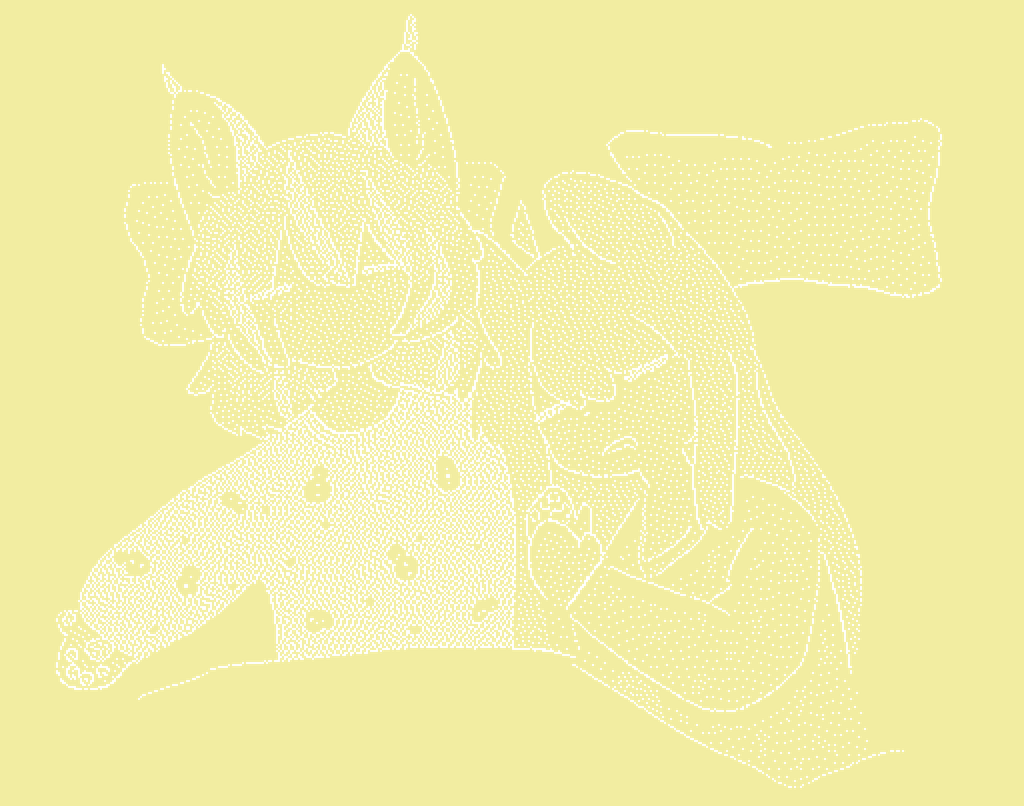
<source format=kicad_pcb>
(kicad_pcb (version 4) (generator "gerbview") (generator_version "8.0")
  (layers (0 F.Cu signal) (31 B.Cu signal) (34 B.Paste user) (35 F.Paste user) (36 B.SilkS user) (37 F.SilkS user) (38 B.Mask user) (39 F.Mask user) (44 Edge.Cuts user))
  (gr_poly (pts (xy 0 -10.2108) (xy 13.0048 -10.2108) (xy 13.0048 -10.2362) (xy 0 -10.2362)) (layer F.SilkS) (width 0))
  (gr_poly (pts (xy 0 -10.1854) (xy 13.0048 -10.1854) (xy 13.0048 -10.2108) (xy 0 -10.2108)) (layer F.SilkS) (width 0))
  (gr_poly (pts (xy 0 -10.16) (xy 13.0048 -10.16) (xy 13.0048 -10.1854) (xy 0 -10.1854)) (layer F.SilkS) (width 0))
  (gr_poly (pts (xy 0 -10.1346) (xy 13.0048 -10.1346) (xy 13.0048 -10.16) (xy 0 -10.16)) (layer F.SilkS) (width 0))
  (gr_poly (pts (xy 0 -10.1092) (xy 13.0048 -10.1092) (xy 13.0048 -10.1346) (xy 0 -10.1346)) (layer F.SilkS) (width 0))
  (gr_poly (pts (xy 0 -10.0838) (xy 13.0048 -10.0838) (xy 13.0048 -10.1092) (xy 0 -10.1092)) (layer F.SilkS) (width 0))
  (gr_poly (pts (xy 0 -10.0584) (xy 13.0048 -10.0584) (xy 13.0048 -10.0838) (xy 0 -10.0838)) (layer F.SilkS) (width 0))
  (gr_poly (pts (xy 0 -10.033) (xy 5.207 -10.033) (xy 5.207 -10.0584) (xy 0 -10.0584)) (layer F.SilkS) (width 0))
  (gr_poly (pts (xy 5.2324 -10.033) (xy 13.0048 -10.033) (xy 13.0048 -10.0584) (xy 5.2324 -10.0584)) (layer F.SilkS) (width 0))
  (gr_poly (pts (xy 0 -10.0076) (xy 5.1816 -10.0076) (xy 5.1816 -10.033) (xy 0 -10.033)) (layer F.SilkS) (width 0))
  (gr_poly (pts (xy 5.207 -10.0076) (xy 5.2324 -10.0076) (xy 5.2324 -10.033) (xy 5.207 -10.033)) (layer F.SilkS) (width 0))
  (gr_poly (pts (xy 5.2578 -10.0076) (xy 13.0048 -10.0076) (xy 13.0048 -10.033) (xy 5.2578 -10.033)) (layer F.SilkS) (width 0))
  (gr_poly (pts (xy 0 -9.9822) (xy 5.1816 -9.9822) (xy 5.1816 -10.0076) (xy 0 -10.0076)) (layer F.SilkS) (width 0))
  (gr_poly (pts (xy 5.207 -9.9822) (xy 5.2578 -9.9822) (xy 5.2578 -10.0076) (xy 5.207 -10.0076)) (layer F.SilkS) (width 0))
  (gr_poly (pts (xy 5.2832 -9.9822) (xy 13.0048 -9.9822) (xy 13.0048 -10.0076) (xy 5.2832 -10.0076)) (layer F.SilkS) (width 0))
  (gr_poly (pts (xy 0 -9.9568) (xy 5.1562 -9.9568) (xy 5.1562 -9.9822) (xy 0 -9.9822)) (layer F.SilkS) (width 0))
  (gr_poly (pts (xy 5.1816 -9.9568) (xy 5.2324 -9.9568) (xy 5.2324 -9.9822) (xy 5.1816 -9.9822)) (layer F.SilkS) (width 0))
  (gr_poly (pts (xy 5.2832 -9.9568) (xy 13.0048 -9.9568) (xy 13.0048 -9.9822) (xy 5.2832 -9.9822)) (layer F.SilkS) (width 0))
  (gr_poly (pts (xy 0 -9.9314) (xy 5.1562 -9.9314) (xy 5.1562 -9.9568) (xy 0 -9.9568)) (layer F.SilkS) (width 0))
  (gr_poly (pts (xy 5.1816 -9.9314) (xy 5.2324 -9.9314) (xy 5.2324 -9.9568) (xy 5.1816 -9.9568)) (layer F.SilkS) (width 0))
  (gr_poly (pts (xy 5.2578 -9.9314) (xy 13.0048 -9.9314) (xy 13.0048 -9.9568) (xy 5.2578 -9.9568)) (layer F.SilkS) (width 0))
  (gr_poly (pts (xy 0 -9.906) (xy 5.1562 -9.906) (xy 5.1562 -9.9314) (xy 0 -9.9314)) (layer F.SilkS) (width 0))
  (gr_poly (pts (xy 5.1816 -9.906) (xy 5.207 -9.906) (xy 5.207 -9.9314) (xy 5.1816 -9.9314)) (layer F.SilkS) (width 0))
  (gr_poly (pts (xy 5.2324 -9.906) (xy 5.2578 -9.906) (xy 5.2578 -9.9314) (xy 5.2324 -9.9314)) (layer F.SilkS) (width 0))
  (gr_poly (pts (xy 5.2832 -9.906) (xy 13.0048 -9.906) (xy 13.0048 -9.9314) (xy 5.2832 -9.9314)) (layer F.SilkS) (width 0))
  (gr_poly (pts (xy 0 -9.8806) (xy 5.1562 -9.8806) (xy 5.1562 -9.906) (xy 0 -9.906)) (layer F.SilkS) (width 0))
  (gr_poly (pts (xy 5.1816 -9.8806) (xy 5.2324 -9.8806) (xy 5.2324 -9.906) (xy 5.1816 -9.906)) (layer F.SilkS) (width 0))
  (gr_poly (pts (xy 5.2578 -9.8806) (xy 13.0048 -9.8806) (xy 13.0048 -9.906) (xy 5.2578 -9.906)) (layer F.SilkS) (width 0))
  (gr_poly (pts (xy 0 -9.8552) (xy 5.1562 -9.8552) (xy 5.1562 -9.8806) (xy 0 -9.8806)) (layer F.SilkS) (width 0))
  (gr_poly (pts (xy 5.1816 -9.8552) (xy 5.2324 -9.8552) (xy 5.2324 -9.8806) (xy 5.1816 -9.8806)) (layer F.SilkS) (width 0))
  (gr_poly (pts (xy 5.2832 -9.8552) (xy 13.0048 -9.8552) (xy 13.0048 -9.8806) (xy 5.2832 -9.8806)) (layer F.SilkS) (width 0))
  (gr_poly (pts (xy 0 -9.8298) (xy 5.1562 -9.8298) (xy 5.1562 -9.8552) (xy 0 -9.8552)) (layer F.SilkS) (width 0))
  (gr_poly (pts (xy 5.1816 -9.8298) (xy 5.2324 -9.8298) (xy 5.2324 -9.8552) (xy 5.1816 -9.8552)) (layer F.SilkS) (width 0))
  (gr_poly (pts (xy 5.2578 -9.8298) (xy 13.0048 -9.8298) (xy 13.0048 -9.8552) (xy 5.2578 -9.8552)) (layer F.SilkS) (width 0))
  (gr_poly (pts (xy 0 -9.8044) (xy 5.1308 -9.8044) (xy 5.1308 -9.8298) (xy 0 -9.8298)) (layer F.SilkS) (width 0))
  (gr_poly (pts (xy 5.1562 -9.8044) (xy 5.1816 -9.8044) (xy 5.1816 -9.8298) (xy 5.1562 -9.8298)) (layer F.SilkS) (width 0))
  (gr_poly (pts (xy 5.207 -9.8044) (xy 5.2578 -9.8044) (xy 5.2578 -9.8298) (xy 5.207 -9.8298)) (layer F.SilkS) (width 0))
  (gr_poly (pts (xy 5.3086 -9.8044) (xy 13.0048 -9.8044) (xy 13.0048 -9.8298) (xy 5.3086 -9.8298)) (layer F.SilkS) (width 0))
  (gr_poly (pts (xy 0 -9.779) (xy 5.1308 -9.779) (xy 5.1308 -9.8044) (xy 0 -9.8044)) (layer F.SilkS) (width 0))
  (gr_poly (pts (xy 5.1562 -9.779) (xy 5.207 -9.779) (xy 5.207 -9.8044) (xy 5.1562 -9.8044)) (layer F.SilkS) (width 0))
  (gr_poly (pts (xy 5.2324 -9.779) (xy 5.2578 -9.779) (xy 5.2578 -9.8044) (xy 5.2324 -9.8044)) (layer F.SilkS) (width 0))
  (gr_poly (pts (xy 5.2832 -9.779) (xy 13.0048 -9.779) (xy 13.0048 -9.8044) (xy 5.2832 -9.8044)) (layer F.SilkS) (width 0))
  (gr_poly (pts (xy 0 -9.7536) (xy 5.1308 -9.7536) (xy 5.1308 -9.779) (xy 0 -9.779)) (layer F.SilkS) (width 0))
  (gr_poly (pts (xy 5.1562 -9.7536) (xy 5.207 -9.7536) (xy 5.207 -9.779) (xy 5.1562 -9.779)) (layer F.SilkS) (width 0))
  (gr_poly (pts (xy 5.2324 -9.7536) (xy 5.2832 -9.7536) (xy 5.2832 -9.779) (xy 5.2324 -9.779)) (layer F.SilkS) (width 0))
  (gr_poly (pts (xy 5.3086 -9.7536) (xy 13.0048 -9.7536) (xy 13.0048 -9.779) (xy 5.3086 -9.779)) (layer F.SilkS) (width 0))
  (gr_poly (pts (xy 0 -9.7282) (xy 5.1308 -9.7282) (xy 5.1308 -9.7536) (xy 0 -9.7536)) (layer F.SilkS) (width 0))
  (gr_poly (pts (xy 5.1562 -9.7282) (xy 5.1816 -9.7282) (xy 5.1816 -9.7536) (xy 5.1562 -9.7536)) (layer F.SilkS) (width 0))
  (gr_poly (pts (xy 5.2324 -9.7282) (xy 5.2832 -9.7282) (xy 5.2832 -9.7536) (xy 5.2324 -9.7536)) (layer F.SilkS) (width 0))
  (gr_poly (pts (xy 5.3086 -9.7282) (xy 13.0048 -9.7282) (xy 13.0048 -9.7536) (xy 5.3086 -9.7536)) (layer F.SilkS) (width 0))
  (gr_poly (pts (xy 0 -9.7028) (xy 5.1308 -9.7028) (xy 5.1308 -9.7282) (xy 0 -9.7282)) (layer F.SilkS) (width 0))
  (gr_poly (pts (xy 5.1562 -9.7028) (xy 5.2324 -9.7028) (xy 5.2324 -9.7282) (xy 5.1562 -9.7282)) (layer F.SilkS) (width 0))
  (gr_poly (pts (xy 5.2832 -9.7028) (xy 13.0048 -9.7028) (xy 13.0048 -9.7282) (xy 5.2832 -9.7282)) (layer F.SilkS) (width 0))
  (gr_poly (pts (xy 0 -9.6774) (xy 5.1308 -9.6774) (xy 5.1308 -9.7028) (xy 0 -9.7028)) (layer F.SilkS) (width 0))
  (gr_poly (pts (xy 5.1562 -9.6774) (xy 5.207 -9.6774) (xy 5.207 -9.7028) (xy 5.1562 -9.7028)) (layer F.SilkS) (width 0))
  (gr_poly (pts (xy 5.2324 -9.6774) (xy 5.2832 -9.6774) (xy 5.2832 -9.7028) (xy 5.2324 -9.7028)) (layer F.SilkS) (width 0))
  (gr_poly (pts (xy 5.3086 -9.6774) (xy 13.0048 -9.6774) (xy 13.0048 -9.7028) (xy 5.3086 -9.7028)) (layer F.SilkS) (width 0))
  (gr_poly (pts (xy 0 -9.652) (xy 5.1054 -9.652) (xy 5.1054 -9.6774) (xy 0 -9.6774)) (layer F.SilkS) (width 0))
  (gr_poly (pts (xy 5.1308 -9.652) (xy 5.1562 -9.652) (xy 5.1562 -9.6774) (xy 5.1308 -9.6774)) (layer F.SilkS) (width 0))
  (gr_poly (pts (xy 5.207 -9.652) (xy 5.2578 -9.652) (xy 5.2578 -9.6774) (xy 5.207 -9.6774)) (layer F.SilkS) (width 0))
  (gr_poly (pts (xy 5.2832 -9.652) (xy 13.0048 -9.652) (xy 13.0048 -9.6774) (xy 5.2832 -9.6774)) (layer F.SilkS) (width 0))
  (gr_poly (pts (xy 0 -9.6266) (xy 5.1054 -9.6266) (xy 5.1054 -9.652) (xy 0 -9.652)) (layer F.SilkS) (width 0))
  (gr_poly (pts (xy 5.1308 -9.6266) (xy 5.207 -9.6266) (xy 5.207 -9.652) (xy 5.1308 -9.652)) (layer F.SilkS) (width 0))
  (gr_poly (pts (xy 5.2324 -9.6266) (xy 5.2578 -9.6266) (xy 5.2578 -9.652) (xy 5.2324 -9.652)) (layer F.SilkS) (width 0))
  (gr_poly (pts (xy 5.2832 -9.6266) (xy 13.0048 -9.6266) (xy 13.0048 -9.652) (xy 5.2832 -9.652)) (layer F.SilkS) (width 0))
  (gr_poly (pts (xy 0 -9.6012) (xy 5.1054 -9.6012) (xy 5.1054 -9.6266) (xy 0 -9.6266)) (layer F.SilkS) (width 0))
  (gr_poly (pts (xy 5.1308 -9.6012) (xy 5.1816 -9.6012) (xy 5.1816 -9.6266) (xy 5.1308 -9.6266)) (layer F.SilkS) (width 0))
  (gr_poly (pts (xy 5.207 -9.6012) (xy 5.2578 -9.6012) (xy 5.2578 -9.6266) (xy 5.207 -9.6266)) (layer F.SilkS) (width 0))
  (gr_poly (pts (xy 5.2832 -9.6012) (xy 13.0048 -9.6012) (xy 13.0048 -9.6266) (xy 5.2832 -9.6266)) (layer F.SilkS) (width 0))
  (gr_poly (pts (xy 0 -9.5758) (xy 5.08 -9.5758) (xy 5.08 -9.6012) (xy 0 -9.6012)) (layer F.SilkS) (width 0))
  (gr_poly (pts (xy 5.207 -9.5758) (xy 13.0048 -9.5758) (xy 13.0048 -9.6012) (xy 5.207 -9.6012)) (layer F.SilkS) (width 0))
  (gr_poly (pts (xy 0 -9.5504) (xy 5.0546 -9.5504) (xy 5.0546 -9.5758) (xy 0 -9.5758)) (layer F.SilkS) (width 0))
  (gr_poly (pts (xy 5.08 -9.5504) (xy 5.207 -9.5504) (xy 5.207 -9.5758) (xy 5.08 -9.5758)) (layer F.SilkS) (width 0))
  (gr_poly (pts (xy 5.2578 -9.5504) (xy 13.0048 -9.5504) (xy 13.0048 -9.5758) (xy 5.2578 -9.5758)) (layer F.SilkS) (width 0))
  (gr_poly (pts (xy 0 -9.525) (xy 5.0292 -9.525) (xy 5.0292 -9.5504) (xy 0 -9.5504)) (layer F.SilkS) (width 0))
  (gr_poly (pts (xy 5.0546 -9.525) (xy 5.2324 -9.525) (xy 5.2324 -9.5504) (xy 5.0546 -9.5504)) (layer F.SilkS) (width 0))
  (gr_poly (pts (xy 5.2578 -9.525) (xy 13.0048 -9.525) (xy 13.0048 -9.5504) (xy 5.2578 -9.5504)) (layer F.SilkS) (width 0))
  (gr_poly (pts (xy 0 -9.4996) (xy 5.0038 -9.4996) (xy 5.0038 -9.525) (xy 0 -9.525)) (layer F.SilkS) (width 0))
  (gr_poly (pts (xy 5.0292 -9.4996) (xy 5.2578 -9.4996) (xy 5.2578 -9.525) (xy 5.0292 -9.525)) (layer F.SilkS) (width 0))
  (gr_poly (pts (xy 5.3086 -9.4996) (xy 13.0048 -9.4996) (xy 13.0048 -9.525) (xy 5.3086 -9.525)) (layer F.SilkS) (width 0))
  (gr_poly (pts (xy 0 -9.4742) (xy 4.9784 -9.4742) (xy 4.9784 -9.4996) (xy 0 -9.4996)) (layer F.SilkS) (width 0))
  (gr_poly (pts (xy 5.0038 -9.4742) (xy 5.2832 -9.4742) (xy 5.2832 -9.4996) (xy 5.0038 -9.4996)) (layer F.SilkS) (width 0))
  (gr_poly (pts (xy 5.3086 -9.4742) (xy 13.0048 -9.4742) (xy 13.0048 -9.4996) (xy 5.3086 -9.4996)) (layer F.SilkS) (width 0))
  (gr_poly (pts (xy 0 -9.4488) (xy 4.953 -9.4488) (xy 4.953 -9.4742) (xy 0 -9.4742)) (layer F.SilkS) (width 0))
  (gr_poly (pts (xy 5.0038 -9.4488) (xy 5.3086 -9.4488) (xy 5.3086 -9.4742) (xy 5.0038 -9.4742)) (layer F.SilkS) (width 0))
  (gr_poly (pts (xy 5.334 -9.4488) (xy 13.0048 -9.4488) (xy 13.0048 -9.4742) (xy 5.334 -9.4742)) (layer F.SilkS) (width 0))
  (gr_poly (pts (xy 0 -9.4234) (xy 4.9276 -9.4234) (xy 4.9276 -9.4488) (xy 0 -9.4488)) (layer F.SilkS) (width 0))
  (gr_poly (pts (xy 4.953 -9.4234) (xy 5.334 -9.4234) (xy 5.334 -9.4488) (xy 4.953 -9.4488)) (layer F.SilkS) (width 0))
  (gr_poly (pts (xy 5.3594 -9.4234) (xy 13.0048 -9.4234) (xy 13.0048 -9.4488) (xy 5.3594 -9.4488)) (layer F.SilkS) (width 0))
  (gr_poly (pts (xy 0 -9.398) (xy 2.0574 -9.398) (xy 2.0574 -9.4234) (xy 0 -9.4234)) (layer F.SilkS) (width 0))
  (gr_poly (pts (xy 2.0828 -9.398) (xy 4.9022 -9.398) (xy 4.9022 -9.4234) (xy 2.0828 -9.4234)) (layer F.SilkS) (width 0))
  (gr_poly (pts (xy 4.9276 -9.398) (xy 5.3594 -9.398) (xy 5.3594 -9.4234) (xy 4.9276 -9.4234)) (layer F.SilkS) (width 0))
  (gr_poly (pts (xy 5.3848 -9.398) (xy 13.0048 -9.398) (xy 13.0048 -9.4234) (xy 5.3848 -9.4234)) (layer F.SilkS) (width 0))
  (gr_poly (pts (xy 0 -9.3726) (xy 2.0574 -9.3726) (xy 2.0574 -9.398) (xy 0 -9.398)) (layer F.SilkS) (width 0))
  (gr_poly (pts (xy 2.0828 -9.3726) (xy 4.8768 -9.3726) (xy 4.8768 -9.398) (xy 2.0828 -9.398)) (layer F.SilkS) (width 0))
  (gr_poly (pts (xy 4.9276 -9.3726) (xy 5.3848 -9.3726) (xy 5.3848 -9.398) (xy 4.9276 -9.398)) (layer F.SilkS) (width 0))
  (gr_poly (pts (xy 5.4102 -9.3726) (xy 13.0048 -9.3726) (xy 13.0048 -9.398) (xy 5.4102 -9.398)) (layer F.SilkS) (width 0))
  (gr_poly (pts (xy 0 -9.3472) (xy 2.0574 -9.3472) (xy 2.0574 -9.3726) (xy 0 -9.3726)) (layer F.SilkS) (width 0))
  (gr_poly (pts (xy 2.1082 -9.3472) (xy 4.8768 -9.3472) (xy 4.8768 -9.3726) (xy 2.1082 -9.3726)) (layer F.SilkS) (width 0))
  (gr_poly (pts (xy 4.9022 -9.3472) (xy 4.9276 -9.3472) (xy 4.9276 -9.3726) (xy 4.9022 -9.3726)) (layer F.SilkS) (width 0))
  (gr_poly (pts (xy 4.953 -9.3472) (xy 5.3848 -9.3472) (xy 5.3848 -9.3726) (xy 4.953 -9.3726)) (layer F.SilkS) (width 0))
  (gr_poly (pts (xy 5.4102 -9.3472) (xy 13.0048 -9.3472) (xy 13.0048 -9.3726) (xy 5.4102 -9.3726)) (layer F.SilkS) (width 0))
  (gr_poly (pts (xy 0 -9.3218) (xy 2.0574 -9.3218) (xy 2.0574 -9.3472) (xy 0 -9.3472)) (layer F.SilkS) (width 0))
  (gr_poly (pts (xy 2.0828 -9.3218) (xy 4.8514 -9.3218) (xy 4.8514 -9.3472) (xy 2.0828 -9.3472)) (layer F.SilkS) (width 0))
  (gr_poly (pts (xy 4.8768 -9.3218) (xy 5.4102 -9.3218) (xy 5.4102 -9.3472) (xy 4.8768 -9.3472)) (layer F.SilkS) (width 0))
  (gr_poly (pts (xy 5.4356 -9.3218) (xy 13.0048 -9.3218) (xy 13.0048 -9.3472) (xy 5.4356 -9.3472)) (layer F.SilkS) (width 0))
  (gr_poly (pts (xy 0 -9.2964) (xy 2.0574 -9.2964) (xy 2.0574 -9.3218) (xy 0 -9.3218)) (layer F.SilkS) (width 0))
  (gr_poly (pts (xy 2.0828 -9.2964) (xy 2.1082 -9.2964) (xy 2.1082 -9.3218) (xy 2.0828 -9.3218)) (layer F.SilkS) (width 0))
  (gr_poly (pts (xy 2.159 -9.2964) (xy 4.826 -9.2964) (xy 4.826 -9.3218) (xy 2.159 -9.3218)) (layer F.SilkS) (width 0))
  (gr_poly (pts (xy 4.8514 -9.2964) (xy 4.9022 -9.2964) (xy 4.9022 -9.3218) (xy 4.8514 -9.3218)) (layer F.SilkS) (width 0))
  (gr_poly (pts (xy 4.9276 -9.2964) (xy 5.4356 -9.2964) (xy 5.4356 -9.3218) (xy 4.9276 -9.3218)) (layer F.SilkS) (width 0))
  (gr_poly (pts (xy 5.461 -9.2964) (xy 13.0048 -9.2964) (xy 13.0048 -9.3218) (xy 5.461 -9.3218)) (layer F.SilkS) (width 0))
  (gr_poly (pts (xy 0 -9.271) (xy 2.1336 -9.271) (xy 2.1336 -9.2964) (xy 0 -9.2964)) (layer F.SilkS) (width 0))
  (gr_poly (pts (xy 2.159 -9.271) (xy 4.8006 -9.271) (xy 4.8006 -9.2964) (xy 2.159 -9.2964)) (layer F.SilkS) (width 0))
  (gr_poly (pts (xy 4.8514 -9.271) (xy 4.8768 -9.271) (xy 4.8768 -9.2964) (xy 4.8514 -9.2964)) (layer F.SilkS) (width 0))
  (gr_poly (pts (xy 4.9276 -9.271) (xy 5.08 -9.271) (xy 5.08 -9.2964) (xy 4.9276 -9.2964)) (layer F.SilkS) (width 0))
  (gr_poly (pts (xy 5.1054 -9.271) (xy 5.1562 -9.271) (xy 5.1562 -9.2964) (xy 5.1054 -9.2964)) (layer F.SilkS) (width 0))
  (gr_poly (pts (xy 5.1816 -9.271) (xy 5.4356 -9.271) (xy 5.4356 -9.2964) (xy 5.1816 -9.2964)) (layer F.SilkS) (width 0))
  (gr_poly (pts (xy 5.461 -9.271) (xy 13.0048 -9.271) (xy 13.0048 -9.2964) (xy 5.461 -9.2964)) (layer F.SilkS) (width 0))
  (gr_poly (pts (xy 0 -9.2456) (xy 2.0828 -9.2456) (xy 2.0828 -9.271) (xy 0 -9.271)) (layer F.SilkS) (width 0))
  (gr_poly (pts (xy 2.1082 -9.2456) (xy 2.159 -9.2456) (xy 2.159 -9.271) (xy 2.1082 -9.271)) (layer F.SilkS) (width 0))
  (gr_poly (pts (xy 2.1844 -9.2456) (xy 4.8006 -9.2456) (xy 4.8006 -9.271) (xy 2.1844 -9.271)) (layer F.SilkS) (width 0))
  (gr_poly (pts (xy 4.826 -9.2456) (xy 13.0048 -9.2456) (xy 13.0048 -9.271) (xy 4.826 -9.271)) (layer F.SilkS) (width 0))
  (gr_poly (pts (xy 0 -9.2202) (xy 2.0828 -9.2202) (xy 2.0828 -9.2456) (xy 0 -9.2456)) (layer F.SilkS) (width 0))
  (gr_poly (pts (xy 2.1336 -9.2202) (xy 2.1844 -9.2202) (xy 2.1844 -9.2456) (xy 2.1336 -9.2456)) (layer F.SilkS) (width 0))
  (gr_poly (pts (xy 2.2098 -9.2202) (xy 4.7752 -9.2202) (xy 4.7752 -9.2456) (xy 2.2098 -9.2456)) (layer F.SilkS) (width 0))
  (gr_poly (pts (xy 4.8006 -9.2202) (xy 4.8514 -9.2202) (xy 4.8514 -9.2456) (xy 4.8006 -9.2456)) (layer F.SilkS) (width 0))
  (gr_poly (pts (xy 4.9022 -9.2202) (xy 5.2578 -9.2202) (xy 5.2578 -9.2456) (xy 4.9022 -9.2456)) (layer F.SilkS) (width 0))
  (gr_poly (pts (xy 5.2832 -9.2202) (xy 5.461 -9.2202) (xy 5.461 -9.2456) (xy 5.2832 -9.2456)) (layer F.SilkS) (width 0))
  (gr_poly (pts (xy 5.4864 -9.2202) (xy 13.0048 -9.2202) (xy 13.0048 -9.2456) (xy 5.4864 -9.2456)) (layer F.SilkS) (width 0))
  (gr_poly (pts (xy 0 -9.1948) (xy 2.0828 -9.1948) (xy 2.0828 -9.2202) (xy 0 -9.2202)) (layer F.SilkS) (width 0))
  (gr_poly (pts (xy 2.1082 -9.1948) (xy 2.159 -9.1948) (xy 2.159 -9.2202) (xy 2.1082 -9.2202)) (layer F.SilkS) (width 0))
  (gr_poly (pts (xy 2.1844 -9.1948) (xy 2.2098 -9.1948) (xy 2.2098 -9.2202) (xy 2.1844 -9.2202)) (layer F.SilkS) (width 0))
  (gr_poly (pts (xy 2.2352 -9.1948) (xy 4.7498 -9.1948) (xy 4.7498 -9.2202) (xy 2.2352 -9.2202)) (layer F.SilkS) (width 0))
  (gr_poly (pts (xy 4.7752 -9.1948) (xy 4.826 -9.1948) (xy 4.826 -9.2202) (xy 4.7752 -9.2202)) (layer F.SilkS) (width 0))
  (gr_poly (pts (xy 4.8514 -9.1948) (xy 5.2578 -9.1948) (xy 5.2578 -9.2202) (xy 4.8514 -9.2202)) (layer F.SilkS) (width 0))
  (gr_poly (pts (xy 5.2832 -9.1948) (xy 5.461 -9.1948) (xy 5.461 -9.2202) (xy 5.2832 -9.2202)) (layer F.SilkS) (width 0))
  (gr_poly (pts (xy 5.5118 -9.1948) (xy 13.0048 -9.1948) (xy 13.0048 -9.2202) (xy 5.5118 -9.2202)) (layer F.SilkS) (width 0))
  (gr_poly (pts (xy 0 -9.1694) (xy 2.1082 -9.1694) (xy 2.1082 -9.1948) (xy 0 -9.1948)) (layer F.SilkS) (width 0))
  (gr_poly (pts (xy 2.1336 -9.1694) (xy 2.159 -9.1694) (xy 2.159 -9.1948) (xy 2.1336 -9.1948)) (layer F.SilkS) (width 0))
  (gr_poly (pts (xy 2.1844 -9.1694) (xy 2.2352 -9.1694) (xy 2.2352 -9.1948) (xy 2.1844 -9.1948)) (layer F.SilkS) (width 0))
  (gr_poly (pts (xy 2.2606 -9.1694) (xy 4.7244 -9.1694) (xy 4.7244 -9.1948) (xy 2.2606 -9.1948)) (layer F.SilkS) (width 0))
  (gr_poly (pts (xy 4.7752 -9.1694) (xy 4.8006 -9.1694) (xy 4.8006 -9.1948) (xy 4.7752 -9.1948)) (layer F.SilkS) (width 0))
  (gr_poly (pts (xy 4.826 -9.1694) (xy 4.8514 -9.1694) (xy 4.8514 -9.1948) (xy 4.826 -9.1948)) (layer F.SilkS) (width 0))
  (gr_poly (pts (xy 4.8768 -9.1694) (xy 5.0292 -9.1694) (xy 5.0292 -9.1948) (xy 4.8768 -9.1948)) (layer F.SilkS) (width 0))
  (gr_poly (pts (xy 5.0546 -9.1694) (xy 5.2578 -9.1694) (xy 5.2578 -9.1948) (xy 5.0546 -9.1948)) (layer F.SilkS) (width 0))
  (gr_poly (pts (xy 5.2832 -9.1694) (xy 5.4864 -9.1694) (xy 5.4864 -9.1948) (xy 5.2832 -9.1948)) (layer F.SilkS) (width 0))
  (gr_poly (pts (xy 5.5118 -9.1694) (xy 13.0048 -9.1694) (xy 13.0048 -9.1948) (xy 5.5118 -9.1948)) (layer F.SilkS) (width 0))
  (gr_poly (pts (xy 0 -9.144) (xy 2.1082 -9.144) (xy 2.1082 -9.1694) (xy 0 -9.1694)) (layer F.SilkS) (width 0))
  (gr_poly (pts (xy 2.1336 -9.144) (xy 2.1844 -9.144) (xy 2.1844 -9.1694) (xy 2.1336 -9.1694)) (layer F.SilkS) (width 0))
  (gr_poly (pts (xy 2.2098 -9.144) (xy 2.2606 -9.144) (xy 2.2606 -9.1694) (xy 2.2098 -9.1694)) (layer F.SilkS) (width 0))
  (gr_poly (pts (xy 2.286 -9.144) (xy 4.7244 -9.144) (xy 4.7244 -9.1694) (xy 2.286 -9.1694)) (layer F.SilkS) (width 0))
  (gr_poly (pts (xy 4.7498 -9.144) (xy 4.8006 -9.144) (xy 4.8006 -9.1694) (xy 4.7498 -9.1694)) (layer F.SilkS) (width 0))
  (gr_poly (pts (xy 4.826 -9.144) (xy 4.8514 -9.144) (xy 4.8514 -9.1694) (xy 4.826 -9.1694)) (layer F.SilkS) (width 0))
  (gr_poly (pts (xy 4.8768 -9.144) (xy 5.2578 -9.144) (xy 5.2578 -9.1694) (xy 4.8768 -9.1694)) (layer F.SilkS) (width 0))
  (gr_poly (pts (xy 5.2832 -9.144) (xy 13.0048 -9.144) (xy 13.0048 -9.1694) (xy 5.2832 -9.1694)) (layer F.SilkS) (width 0))
  (gr_poly (pts (xy 0 -9.1186) (xy 2.1082 -9.1186) (xy 2.1082 -9.144) (xy 0 -9.144)) (layer F.SilkS) (width 0))
  (gr_poly (pts (xy 2.1336 -9.1186) (xy 2.1844 -9.1186) (xy 2.1844 -9.144) (xy 2.1336 -9.144)) (layer F.SilkS) (width 0))
  (gr_poly (pts (xy 2.2352 -9.1186) (xy 2.286 -9.1186) (xy 2.286 -9.144) (xy 2.2352 -9.144)) (layer F.SilkS) (width 0))
  (gr_poly (pts (xy 2.3114 -9.1186) (xy 4.699 -9.1186) (xy 4.699 -9.144) (xy 2.3114 -9.144)) (layer F.SilkS) (width 0))
  (gr_poly (pts (xy 4.7244 -9.1186) (xy 4.7752 -9.1186) (xy 4.7752 -9.144) (xy 4.7244 -9.144)) (layer F.SilkS) (width 0))
  (gr_poly (pts (xy 4.8006 -9.1186) (xy 4.8514 -9.1186) (xy 4.8514 -9.144) (xy 4.8006 -9.144)) (layer F.SilkS) (width 0))
  (gr_poly (pts (xy 4.8768 -9.1186) (xy 5.1308 -9.1186) (xy 5.1308 -9.144) (xy 4.8768 -9.144)) (layer F.SilkS) (width 0))
  (gr_poly (pts (xy 5.1562 -9.1186) (xy 5.5118 -9.1186) (xy 5.5118 -9.144) (xy 5.1562 -9.144)) (layer F.SilkS) (width 0))
  (gr_poly (pts (xy 5.5372 -9.1186) (xy 13.0048 -9.1186) (xy 13.0048 -9.144) (xy 5.5372 -9.144)) (layer F.SilkS) (width 0))
  (gr_poly (pts (xy 0 -9.0932) (xy 2.1336 -9.0932) (xy 2.1336 -9.1186) (xy 0 -9.1186)) (layer F.SilkS) (width 0))
  (gr_poly (pts (xy 2.159 -9.0932) (xy 2.2098 -9.0932) (xy 2.2098 -9.1186) (xy 2.159 -9.1186)) (layer F.SilkS) (width 0))
  (gr_poly (pts (xy 2.2352 -9.0932) (xy 2.286 -9.0932) (xy 2.286 -9.1186) (xy 2.2352 -9.1186)) (layer F.SilkS) (width 0))
  (gr_poly (pts (xy 2.3114 -9.0932) (xy 4.699 -9.0932) (xy 4.699 -9.1186) (xy 2.3114 -9.1186)) (layer F.SilkS) (width 0))
  (gr_poly (pts (xy 4.7244 -9.0932) (xy 4.7752 -9.0932) (xy 4.7752 -9.1186) (xy 4.7244 -9.1186)) (layer F.SilkS) (width 0))
  (gr_poly (pts (xy 4.8006 -9.0932) (xy 4.8514 -9.0932) (xy 4.8514 -9.1186) (xy 4.8006 -9.1186)) (layer F.SilkS) (width 0))
  (gr_poly (pts (xy 4.8768 -9.0932) (xy 5.2578 -9.0932) (xy 5.2578 -9.1186) (xy 4.8768 -9.1186)) (layer F.SilkS) (width 0))
  (gr_poly (pts (xy 5.2832 -9.0932) (xy 5.5118 -9.0932) (xy 5.5118 -9.1186) (xy 5.2832 -9.1186)) (layer F.SilkS) (width 0))
  (gr_poly (pts (xy 5.5372 -9.0932) (xy 13.0048 -9.0932) (xy 13.0048 -9.1186) (xy 5.5372 -9.1186)) (layer F.SilkS) (width 0))
  (gr_poly (pts (xy 0 -9.0678) (xy 2.1336 -9.0678) (xy 2.1336 -9.0932) (xy 0 -9.0932)) (layer F.SilkS) (width 0))
  (gr_poly (pts (xy 2.159 -9.0678) (xy 2.2098 -9.0678) (xy 2.2098 -9.0932) (xy 2.159 -9.0932)) (layer F.SilkS) (width 0))
  (gr_poly (pts (xy 2.2352 -9.0678) (xy 2.2606 -9.0678) (xy 2.2606 -9.0932) (xy 2.2352 -9.0932)) (layer F.SilkS) (width 0))
  (gr_poly (pts (xy 2.3114 -9.0678) (xy 2.3368 -9.0678) (xy 2.3368 -9.0932) (xy 2.3114 -9.0932)) (layer F.SilkS) (width 0))
  (gr_poly (pts (xy 2.3622 -9.0678) (xy 2.3876 -9.0678) (xy 2.3876 -9.0932) (xy 2.3622 -9.0932)) (layer F.SilkS) (width 0))
  (gr_poly (pts (xy 2.4384 -9.0678) (xy 2.4892 -9.0678) (xy 2.4892 -9.0932) (xy 2.4384 -9.0932)) (layer F.SilkS) (width 0))
  (gr_poly (pts (xy 2.5146 -9.0678) (xy 4.6736 -9.0678) (xy 4.6736 -9.0932) (xy 2.5146 -9.0932)) (layer F.SilkS) (width 0))
  (gr_poly (pts (xy 4.699 -9.0678) (xy 4.7244 -9.0678) (xy 4.7244 -9.0932) (xy 4.699 -9.0932)) (layer F.SilkS) (width 0))
  (gr_poly (pts (xy 4.7498 -9.0678) (xy 4.7752 -9.0678) (xy 4.7752 -9.0932) (xy 4.7498 -9.0932)) (layer F.SilkS) (width 0))
  (gr_poly (pts (xy 4.8006 -9.0678) (xy 4.826 -9.0678) (xy 4.826 -9.0932) (xy 4.8006 -9.0932)) (layer F.SilkS) (width 0))
  (gr_poly (pts (xy 4.8514 -9.0678) (xy 4.8768 -9.0678) (xy 4.8768 -9.0932) (xy 4.8514 -9.0932)) (layer F.SilkS) (width 0))
  (gr_poly (pts (xy 4.9276 -9.0678) (xy 5.2578 -9.0678) (xy 5.2578 -9.0932) (xy 4.9276 -9.0932)) (layer F.SilkS) (width 0))
  (gr_poly (pts (xy 5.2832 -9.0678) (xy 5.5372 -9.0678) (xy 5.5372 -9.0932) (xy 5.2832 -9.0932)) (layer F.SilkS) (width 0))
  (gr_poly (pts (xy 5.5626 -9.0678) (xy 13.0048 -9.0678) (xy 13.0048 -9.0932) (xy 5.5626 -9.0932)) (layer F.SilkS) (width 0))
  (gr_poly (pts (xy 0 -9.0424) (xy 2.159 -9.0424) (xy 2.159 -9.0678) (xy 0 -9.0678)) (layer F.SilkS) (width 0))
  (gr_poly (pts (xy 2.2098 -9.0424) (xy 2.2352 -9.0424) (xy 2.2352 -9.0678) (xy 2.2098 -9.0678)) (layer F.SilkS) (width 0))
  (gr_poly (pts (xy 2.2606 -9.0424) (xy 2.54 -9.0424) (xy 2.54 -9.0678) (xy 2.2606 -9.0678)) (layer F.SilkS) (width 0))
  (gr_poly (pts (xy 2.5908 -9.0424) (xy 4.6482 -9.0424) (xy 4.6482 -9.0678) (xy 2.5908 -9.0678)) (layer F.SilkS) (width 0))
  (gr_poly (pts (xy 4.6736 -9.0424) (xy 4.7244 -9.0424) (xy 4.7244 -9.0678) (xy 4.6736 -9.0678)) (layer F.SilkS) (width 0))
  (gr_poly (pts (xy 4.7498 -9.0424) (xy 4.8006 -9.0424) (xy 4.8006 -9.0678) (xy 4.7498 -9.0678)) (layer F.SilkS) (width 0))
  (gr_poly (pts (xy 4.826 -9.0424) (xy 4.8768 -9.0424) (xy 4.8768 -9.0678) (xy 4.826 -9.0678)) (layer F.SilkS) (width 0))
  (gr_poly (pts (xy 4.9022 -9.0424) (xy 5.0038 -9.0424) (xy 5.0038 -9.0678) (xy 4.9022 -9.0678)) (layer F.SilkS) (width 0))
  (gr_poly (pts (xy 5.0292 -9.0424) (xy 5.5372 -9.0424) (xy 5.5372 -9.0678) (xy 5.0292 -9.0678)) (layer F.SilkS) (width 0))
  (gr_poly (pts (xy 5.5626 -9.0424) (xy 13.0048 -9.0424) (xy 13.0048 -9.0678) (xy 5.5626 -9.0678)) (layer F.SilkS) (width 0))
  (gr_poly (pts (xy 0 -9.017) (xy 2.2098 -9.017) (xy 2.2098 -9.0424) (xy 0 -9.0424)) (layer F.SilkS) (width 0))
  (gr_poly (pts (xy 2.2352 -9.017) (xy 2.6162 -9.017) (xy 2.6162 -9.0424) (xy 2.2352 -9.0424)) (layer F.SilkS) (width 0))
  (gr_poly (pts (xy 2.667 -9.017) (xy 4.6482 -9.017) (xy 4.6482 -9.0424) (xy 2.667 -9.0424)) (layer F.SilkS) (width 0))
  (gr_poly (pts (xy 4.6736 -9.017) (xy 4.699 -9.017) (xy 4.699 -9.0424) (xy 4.6736 -9.0424)) (layer F.SilkS) (width 0))
  (gr_poly (pts (xy 4.7244 -9.017) (xy 4.7498 -9.017) (xy 4.7498 -9.0424) (xy 4.7244 -9.0424)) (layer F.SilkS) (width 0))
  (gr_poly (pts (xy 4.7752 -9.017) (xy 4.8006 -9.017) (xy 4.8006 -9.0424) (xy 4.7752 -9.0424)) (layer F.SilkS) (width 0))
  (gr_poly (pts (xy 4.826 -9.017) (xy 4.8768 -9.017) (xy 4.8768 -9.0424) (xy 4.826 -9.0424)) (layer F.SilkS) (width 0))
  (gr_poly (pts (xy 4.9022 -9.017) (xy 5.1308 -9.017) (xy 5.1308 -9.0424) (xy 4.9022 -9.0424)) (layer F.SilkS) (width 0))
  (gr_poly (pts (xy 5.1562 -9.017) (xy 5.2324 -9.017) (xy 5.2324 -9.0424) (xy 5.1562 -9.0424)) (layer F.SilkS) (width 0))
  (gr_poly (pts (xy 5.2578 -9.017) (xy 5.4102 -9.017) (xy 5.4102 -9.0424) (xy 5.2578 -9.0424)) (layer F.SilkS) (width 0))
  (gr_poly (pts (xy 5.4356 -9.017) (xy 13.0048 -9.017) (xy 13.0048 -9.0424) (xy 5.4356 -9.0424)) (layer F.SilkS) (width 0))
  (gr_poly (pts (xy 0 -8.9916) (xy 2.2098 -8.9916) (xy 2.2098 -9.017) (xy 0 -9.017)) (layer F.SilkS) (width 0))
  (gr_poly (pts (xy 2.2352 -8.9916) (xy 2.667 -8.9916) (xy 2.667 -9.017) (xy 2.2352 -9.017)) (layer F.SilkS) (width 0))
  (gr_poly (pts (xy 2.7432 -8.9916) (xy 4.6228 -8.9916) (xy 4.6228 -9.017) (xy 2.7432 -9.017)) (layer F.SilkS) (width 0))
  (gr_poly (pts (xy 4.6482 -8.9916) (xy 4.6736 -8.9916) (xy 4.6736 -9.017) (xy 4.6482 -9.017)) (layer F.SilkS) (width 0))
  (gr_poly (pts (xy 4.699 -8.9916) (xy 4.7498 -8.9916) (xy 4.7498 -9.017) (xy 4.699 -9.017)) (layer F.SilkS) (width 0))
  (gr_poly (pts (xy 4.7752 -8.9916) (xy 4.826 -8.9916) (xy 4.826 -9.017) (xy 4.7752 -9.017)) (layer F.SilkS) (width 0))
  (gr_poly (pts (xy 4.9022 -8.9916) (xy 5.2578 -8.9916) (xy 5.2578 -9.017) (xy 4.9022 -9.017)) (layer F.SilkS) (width 0))
  (gr_poly (pts (xy 5.2832 -8.9916) (xy 5.5626 -8.9916) (xy 5.5626 -9.017) (xy 5.2832 -9.017)) (layer F.SilkS) (width 0))
  (gr_poly (pts (xy 5.588 -8.9916) (xy 13.0048 -8.9916) (xy 13.0048 -9.017) (xy 5.588 -9.017)) (layer F.SilkS) (width 0))
  (gr_poly (pts (xy 0 -8.9662) (xy 2.7432 -8.9662) (xy 2.7432 -8.9916) (xy 0 -8.9916)) (layer F.SilkS) (width 0))
  (gr_poly (pts (xy 2.794 -8.9662) (xy 4.5974 -8.9662) (xy 4.5974 -8.9916) (xy 2.794 -8.9916)) (layer F.SilkS) (width 0))
  (gr_poly (pts (xy 4.6482 -8.9662) (xy 4.699 -8.9662) (xy 4.699 -8.9916) (xy 4.6482 -8.9916)) (layer F.SilkS) (width 0))
  (gr_poly (pts (xy 4.7244 -8.9662) (xy 4.7752 -8.9662) (xy 4.7752 -8.9916) (xy 4.7244 -8.9916)) (layer F.SilkS) (width 0))
  (gr_poly (pts (xy 4.8006 -8.9662) (xy 4.8768 -8.9662) (xy 4.8768 -8.9916) (xy 4.8006 -8.9916)) (layer F.SilkS) (width 0))
  (gr_poly (pts (xy 4.9022 -8.9662) (xy 5.2578 -8.9662) (xy 5.2578 -8.9916) (xy 4.9022 -8.9916)) (layer F.SilkS) (width 0))
  (gr_poly (pts (xy 5.2832 -8.9662) (xy 5.5626 -8.9662) (xy 5.5626 -8.9916) (xy 5.2832 -8.9916)) (layer F.SilkS) (width 0))
  (gr_poly (pts (xy 5.588 -8.9662) (xy 13.0048 -8.9662) (xy 13.0048 -8.9916) (xy 5.588 -8.9916)) (layer F.SilkS) (width 0))
  (gr_poly (pts (xy 0 -8.9408) (xy 2.1844 -8.9408) (xy 2.1844 -8.9662) (xy 0 -8.9662)) (layer F.SilkS) (width 0))
  (gr_poly (pts (xy 2.2098 -8.9408) (xy 2.7686 -8.9408) (xy 2.7686 -8.9662) (xy 2.2098 -8.9662)) (layer F.SilkS) (width 0))
  (gr_poly (pts (xy 2.8194 -8.9408) (xy 4.5974 -8.9408) (xy 4.5974 -8.9662) (xy 2.8194 -8.9662)) (layer F.SilkS) (width 0))
  (gr_poly (pts (xy 4.6228 -8.9408) (xy 4.6736 -8.9408) (xy 4.6736 -8.9662) (xy 4.6228 -8.9662)) (layer F.SilkS) (width 0))
  (gr_poly (pts (xy 4.7244 -8.9408) (xy 4.7498 -8.9408) (xy 4.7498 -8.9662) (xy 4.7244 -8.9662)) (layer F.SilkS) (width 0))
  (gr_poly (pts (xy 4.8006 -8.9408) (xy 4.8514 -8.9408) (xy 4.8514 -8.9662) (xy 4.8006 -8.9662)) (layer F.SilkS) (width 0))
  (gr_poly (pts (xy 4.8768 -8.9408) (xy 5.588 -8.9408) (xy 5.588 -8.9662) (xy 4.8768 -8.9662)) (layer F.SilkS) (width 0))
  (gr_poly (pts (xy 5.6134 -8.9408) (xy 13.0048 -8.9408) (xy 13.0048 -8.9662) (xy 5.6134 -8.9662)) (layer F.SilkS) (width 0))
  (gr_poly (pts (xy 0 -8.9154) (xy 2.1844 -8.9154) (xy 2.1844 -8.9408) (xy 0 -8.9408)) (layer F.SilkS) (width 0))
  (gr_poly (pts (xy 2.2098 -8.9154) (xy 2.7178 -8.9154) (xy 2.7178 -8.9408) (xy 2.2098 -8.9408)) (layer F.SilkS) (width 0))
  (gr_poly (pts (xy 2.7432 -8.9154) (xy 2.8194 -8.9154) (xy 2.8194 -8.9408) (xy 2.7432 -8.9408)) (layer F.SilkS) (width 0))
  (gr_poly (pts (xy 2.8702 -8.9154) (xy 4.572 -8.9154) (xy 4.572 -8.9408) (xy 2.8702 -8.9408)) (layer F.SilkS) (width 0))
  (gr_poly (pts (xy 4.5974 -8.9154) (xy 4.6482 -8.9154) (xy 4.6482 -8.9408) (xy 4.5974 -8.9408)) (layer F.SilkS) (width 0))
  (gr_poly (pts (xy 4.6736 -8.9154) (xy 4.7752 -8.9154) (xy 4.7752 -8.9408) (xy 4.6736 -8.9408)) (layer F.SilkS) (width 0))
  (gr_poly (pts (xy 4.8006 -8.9154) (xy 4.826 -8.9154) (xy 4.826 -8.9408) (xy 4.8006 -8.9408)) (layer F.SilkS) (width 0))
  (gr_poly (pts (xy 4.8768 -8.9154) (xy 5.0546 -8.9154) (xy 5.0546 -8.9408) (xy 4.8768 -8.9408)) (layer F.SilkS) (width 0))
  (gr_poly (pts (xy 5.08 -8.9154) (xy 5.2578 -8.9154) (xy 5.2578 -8.9408) (xy 5.08 -8.9408)) (layer F.SilkS) (width 0))
  (gr_poly (pts (xy 5.2832 -8.9154) (xy 5.588 -8.9154) (xy 5.588 -8.9408) (xy 5.2832 -8.9408)) (layer F.SilkS) (width 0))
  (gr_poly (pts (xy 5.6134 -8.9154) (xy 13.0048 -8.9154) (xy 13.0048 -8.9408) (xy 5.6134 -8.9408)) (layer F.SilkS) (width 0))
  (gr_poly (pts (xy 0 -8.89) (xy 2.7432 -8.89) (xy 2.7432 -8.9154) (xy 0 -8.9154)) (layer F.SilkS) (width 0))
  (gr_poly (pts (xy 2.7686 -8.89) (xy 2.8194 -8.89) (xy 2.8194 -8.9154) (xy 2.7686 -8.9154)) (layer F.SilkS) (width 0))
  (gr_poly (pts (xy 2.8448 -8.89) (xy 2.8702 -8.89) (xy 2.8702 -8.9154) (xy 2.8448 -8.9154)) (layer F.SilkS) (width 0))
  (gr_poly (pts (xy 2.921 -8.89) (xy 4.572 -8.89) (xy 4.572 -8.9154) (xy 2.921 -8.9154)) (layer F.SilkS) (width 0))
  (gr_poly (pts (xy 4.5974 -8.89) (xy 4.6482 -8.89) (xy 4.6482 -8.9154) (xy 4.5974 -8.9154)) (layer F.SilkS) (width 0))
  (gr_poly (pts (xy 4.6736 -8.89) (xy 4.699 -8.89) (xy 4.699 -8.9154) (xy 4.6736 -8.9154)) (layer F.SilkS) (width 0))
  (gr_poly (pts (xy 4.7244 -8.89) (xy 4.7752 -8.89) (xy 4.7752 -8.9154) (xy 4.7244 -8.9154)) (layer F.SilkS) (width 0))
  (gr_poly (pts (xy 4.8006 -8.89) (xy 4.8514 -8.89) (xy 4.8514 -8.9154) (xy 4.8006 -8.9154)) (layer F.SilkS) (width 0))
  (gr_poly (pts (xy 4.8768 -8.89) (xy 5.2578 -8.89) (xy 5.2578 -8.9154) (xy 4.8768 -8.9154)) (layer F.SilkS) (width 0))
  (gr_poly (pts (xy 5.2832 -8.89) (xy 5.4102 -8.89) (xy 5.4102 -8.9154) (xy 5.2832 -8.9154)) (layer F.SilkS) (width 0))
  (gr_poly (pts (xy 5.4356 -8.89) (xy 5.588 -8.89) (xy 5.588 -8.9154) (xy 5.4356 -8.9154)) (layer F.SilkS) (width 0))
  (gr_poly (pts (xy 5.6134 -8.89) (xy 13.0048 -8.89) (xy 13.0048 -8.9154) (xy 5.6134 -8.9154)) (layer F.SilkS) (width 0))
  (gr_poly (pts (xy 0 -8.8646) (xy 2.1844 -8.8646) (xy 2.1844 -8.89) (xy 0 -8.89)) (layer F.SilkS) (width 0))
  (gr_poly (pts (xy 2.2098 -8.8646) (xy 2.7686 -8.8646) (xy 2.7686 -8.89) (xy 2.2098 -8.89)) (layer F.SilkS) (width 0))
  (gr_poly (pts (xy 2.8194 -8.8646) (xy 2.8956 -8.8646) (xy 2.8956 -8.89) (xy 2.8194 -8.89)) (layer F.SilkS) (width 0))
  (gr_poly (pts (xy 2.9464 -8.8646) (xy 4.5466 -8.8646) (xy 4.5466 -8.89) (xy 2.9464 -8.89)) (layer F.SilkS) (width 0))
  (gr_poly (pts (xy 4.572 -8.8646) (xy 4.5974 -8.8646) (xy 4.5974 -8.89) (xy 4.572 -8.89)) (layer F.SilkS) (width 0))
  (gr_poly (pts (xy 4.6228 -8.8646) (xy 4.6736 -8.8646) (xy 4.6736 -8.89) (xy 4.6228 -8.89)) (layer F.SilkS) (width 0))
  (gr_poly (pts (xy 4.7244 -8.8646) (xy 4.7498 -8.8646) (xy 4.7498 -8.89) (xy 4.7244 -8.89)) (layer F.SilkS) (width 0))
  (gr_poly (pts (xy 4.7752 -8.8646) (xy 4.826 -8.8646) (xy 4.826 -8.89) (xy 4.7752 -8.89)) (layer F.SilkS) (width 0))
  (gr_poly (pts (xy 4.8768 -8.8646) (xy 5.1562 -8.8646) (xy 5.1562 -8.89) (xy 4.8768 -8.89)) (layer F.SilkS) (width 0))
  (gr_poly (pts (xy 5.1816 -8.8646) (xy 5.6134 -8.8646) (xy 5.6134 -8.89) (xy 5.1816 -8.89)) (layer F.SilkS) (width 0))
  (gr_poly (pts (xy 5.6388 -8.8646) (xy 13.0048 -8.8646) (xy 13.0048 -8.89) (xy 5.6388 -8.89)) (layer F.SilkS) (width 0))
  (gr_poly (pts (xy 0 -8.8392) (xy 2.1844 -8.8392) (xy 2.1844 -8.8646) (xy 0 -8.8646)) (layer F.SilkS) (width 0))
  (gr_poly (pts (xy 2.2098 -8.8392) (xy 2.794 -8.8392) (xy 2.794 -8.8646) (xy 2.2098 -8.8646)) (layer F.SilkS) (width 0))
  (gr_poly (pts (xy 2.8194 -8.8392) (xy 2.8702 -8.8392) (xy 2.8702 -8.8646) (xy 2.8194 -8.8646)) (layer F.SilkS) (width 0))
  (gr_poly (pts (xy 2.8956 -8.8392) (xy 2.9464 -8.8392) (xy 2.9464 -8.8646) (xy 2.8956 -8.8646)) (layer F.SilkS) (width 0))
  (gr_poly (pts (xy 2.9718 -8.8392) (xy 4.5466 -8.8392) (xy 4.5466 -8.8646) (xy 2.9718 -8.8646)) (layer F.SilkS) (width 0))
  (gr_poly (pts (xy 4.572 -8.8392) (xy 4.6228 -8.8392) (xy 4.6228 -8.8646) (xy 4.572 -8.8646)) (layer F.SilkS) (width 0))
  (gr_poly (pts (xy 4.6482 -8.8392) (xy 4.7244 -8.8392) (xy 4.7244 -8.8646) (xy 4.6482 -8.8646)) (layer F.SilkS) (width 0))
  (gr_poly (pts (xy 4.7498 -8.8392) (xy 4.7752 -8.8392) (xy 4.7752 -8.8646) (xy 4.7498 -8.8646)) (layer F.SilkS) (width 0))
  (gr_poly (pts (xy 4.8006 -8.8392) (xy 4.8514 -8.8392) (xy 4.8514 -8.8646) (xy 4.8006 -8.8646)) (layer F.SilkS) (width 0))
  (gr_poly (pts (xy 4.8768 -8.8392) (xy 5.2832 -8.8392) (xy 5.2832 -8.8646) (xy 4.8768 -8.8646)) (layer F.SilkS) (width 0))
  (gr_poly (pts (xy 5.3086 -8.8392) (xy 5.6134 -8.8392) (xy 5.6134 -8.8646) (xy 5.3086 -8.8646)) (layer F.SilkS) (width 0))
  (gr_poly (pts (xy 5.6388 -8.8392) (xy 13.0048 -8.8392) (xy 13.0048 -8.8646) (xy 5.6388 -8.8646)) (layer F.SilkS) (width 0))
  (gr_poly (pts (xy 0 -8.8138) (xy 2.413 -8.8138) (xy 2.413 -8.8392) (xy 0 -8.8392)) (layer F.SilkS) (width 0))
  (gr_poly (pts (xy 2.4384 -8.8138) (xy 2.4892 -8.8138) (xy 2.4892 -8.8392) (xy 2.4384 -8.8392)) (layer F.SilkS) (width 0))
  (gr_poly (pts (xy 2.5146 -8.8138) (xy 2.8194 -8.8138) (xy 2.8194 -8.8392) (xy 2.5146 -8.8392)) (layer F.SilkS) (width 0))
  (gr_poly (pts (xy 2.8448 -8.8138) (xy 2.8702 -8.8138) (xy 2.8702 -8.8392) (xy 2.8448 -8.8392)) (layer F.SilkS) (width 0))
  (gr_poly (pts (xy 2.8956 -8.8138) (xy 2.9464 -8.8138) (xy 2.9464 -8.8392) (xy 2.8956 -8.8392)) (layer F.SilkS) (width 0))
  (gr_poly (pts (xy 2.9972 -8.8138) (xy 4.5212 -8.8138) (xy 4.5212 -8.8392) (xy 2.9972 -8.8392)) (layer F.SilkS) (width 0))
  (gr_poly (pts (xy 4.5466 -8.8138) (xy 4.5974 -8.8138) (xy 4.5974 -8.8392) (xy 4.5466 -8.8392)) (layer F.SilkS) (width 0))
  (gr_poly (pts (xy 4.6482 -8.8138) (xy 4.6736 -8.8138) (xy 4.6736 -8.8392) (xy 4.6482 -8.8392)) (layer F.SilkS) (width 0))
  (gr_poly (pts (xy 4.699 -8.8138) (xy 4.7498 -8.8138) (xy 4.7498 -8.8392) (xy 4.699 -8.8392)) (layer F.SilkS) (width 0))
  (gr_poly (pts (xy 4.7752 -8.8138) (xy 4.8006 -8.8138) (xy 4.8006 -8.8392) (xy 4.7752 -8.8392)) (layer F.SilkS) (width 0))
  (gr_poly (pts (xy 4.826 -8.8138) (xy 4.8514 -8.8138) (xy 4.8514 -8.8392) (xy 4.826 -8.8392)) (layer F.SilkS) (width 0))
  (gr_poly (pts (xy 4.8768 -8.8138) (xy 5.2832 -8.8138) (xy 5.2832 -8.8392) (xy 4.8768 -8.8392)) (layer F.SilkS) (width 0))
  (gr_poly (pts (xy 5.3086 -8.8138) (xy 5.4864 -8.8138) (xy 5.4864 -8.8392) (xy 5.3086 -8.8392)) (layer F.SilkS) (width 0))
  (gr_poly (pts (xy 5.5118 -8.8138) (xy 5.6134 -8.8138) (xy 5.6134 -8.8392) (xy 5.5118 -8.8392)) (layer F.SilkS) (width 0))
  (gr_poly (pts (xy 5.6388 -8.8138) (xy 13.0048 -8.8138) (xy 13.0048 -8.8392) (xy 5.6388 -8.8392)) (layer F.SilkS) (width 0))
  (gr_poly (pts (xy 0 -8.7884) (xy 2.5908 -8.7884) (xy 2.5908 -8.8138) (xy 0 -8.8138)) (layer F.SilkS) (width 0))
  (gr_poly (pts (xy 2.6162 -8.7884) (xy 2.8448 -8.7884) (xy 2.8448 -8.8138) (xy 2.6162 -8.8138)) (layer F.SilkS) (width 0))
  (gr_poly (pts (xy 2.8702 -8.7884) (xy 2.921 -8.7884) (xy 2.921 -8.8138) (xy 2.8702 -8.8138)) (layer F.SilkS) (width 0))
  (gr_poly (pts (xy 2.9464 -8.7884) (xy 2.9972 -8.7884) (xy 2.9972 -8.8138) (xy 2.9464 -8.8138)) (layer F.SilkS) (width 0))
  (gr_poly (pts (xy 3.048 -8.7884) (xy 4.5212 -8.7884) (xy 4.5212 -8.8138) (xy 3.048 -8.8138)) (layer F.SilkS) (width 0))
  (gr_poly (pts (xy 4.5466 -8.7884) (xy 4.572 -8.7884) (xy 4.572 -8.8138) (xy 4.5466 -8.8138)) (layer F.SilkS) (width 0))
  (gr_poly (pts (xy 4.5974 -8.7884) (xy 4.6482 -8.7884) (xy 4.6482 -8.8138) (xy 4.5974 -8.8138)) (layer F.SilkS) (width 0))
  (gr_poly (pts (xy 4.6736 -8.7884) (xy 4.699 -8.7884) (xy 4.699 -8.8138) (xy 4.6736 -8.8138)) (layer F.SilkS) (width 0))
  (gr_poly (pts (xy 4.7244 -8.7884) (xy 4.7752 -8.7884) (xy 4.7752 -8.8138) (xy 4.7244 -8.8138)) (layer F.SilkS) (width 0))
  (gr_poly (pts (xy 4.8006 -8.7884) (xy 4.8514 -8.7884) (xy 4.8514 -8.8138) (xy 4.8006 -8.8138)) (layer F.SilkS) (width 0))
  (gr_poly (pts (xy 4.8768 -8.7884) (xy 5.0038 -8.7884) (xy 5.0038 -8.8138) (xy 4.8768 -8.8138)) (layer F.SilkS) (width 0))
  (gr_poly (pts (xy 5.0292 -8.7884) (xy 5.2832 -8.7884) (xy 5.2832 -8.8138) (xy 5.0292 -8.8138)) (layer F.SilkS) (width 0))
  (gr_poly (pts (xy 5.3086 -8.7884) (xy 13.0048 -8.7884) (xy 13.0048 -8.8138) (xy 5.3086 -8.8138)) (layer F.SilkS) (width 0))
  (gr_poly (pts (xy 0 -8.763) (xy 2.159 -8.763) (xy 2.159 -8.7884) (xy 0 -8.7884)) (layer F.SilkS) (width 0))
  (gr_poly (pts (xy 2.1844 -8.763) (xy 2.8194 -8.763) (xy 2.8194 -8.7884) (xy 2.1844 -8.7884)) (layer F.SilkS) (width 0))
  (gr_poly (pts (xy 2.8448 -8.763) (xy 2.8956 -8.763) (xy 2.8956 -8.7884) (xy 2.8448 -8.7884)) (layer F.SilkS) (width 0))
  (gr_poly (pts (xy 2.921 -8.763) (xy 2.9972 -8.763) (xy 2.9972 -8.7884) (xy 2.921 -8.7884)) (layer F.SilkS) (width 0))
  (gr_poly (pts (xy 3.0226 -8.763) (xy 3.048 -8.763) (xy 3.048 -8.7884) (xy 3.0226 -8.7884)) (layer F.SilkS) (width 0))
  (gr_poly (pts (xy 3.0734 -8.763) (xy 4.4958 -8.763) (xy 4.4958 -8.7884) (xy 3.0734 -8.7884)) (layer F.SilkS) (width 0))
  (gr_poly (pts (xy 4.5212 -8.763) (xy 4.5466 -8.763) (xy 4.5466 -8.7884) (xy 4.5212 -8.7884)) (layer F.SilkS) (width 0))
  (gr_poly (pts (xy 4.572 -8.763) (xy 4.6228 -8.763) (xy 4.6228 -8.7884) (xy 4.572 -8.7884)) (layer F.SilkS) (width 0))
  (gr_poly (pts (xy 4.6482 -8.763) (xy 4.699 -8.763) (xy 4.699 -8.7884) (xy 4.6482 -8.7884)) (layer F.SilkS) (width 0))
  (gr_poly (pts (xy 4.7498 -8.763) (xy 4.8006 -8.763) (xy 4.8006 -8.7884) (xy 4.7498 -8.7884)) (layer F.SilkS) (width 0))
  (gr_poly (pts (xy 4.826 -8.763) (xy 4.8514 -8.763) (xy 4.8514 -8.7884) (xy 4.826 -8.7884)) (layer F.SilkS) (width 0))
  (gr_poly (pts (xy 4.8768 -8.763) (xy 5.08 -8.763) (xy 5.08 -8.7884) (xy 4.8768 -8.7884)) (layer F.SilkS) (width 0))
  (gr_poly (pts (xy 5.1054 -8.763) (xy 5.6388 -8.763) (xy 5.6388 -8.7884) (xy 5.1054 -8.7884)) (layer F.SilkS) (width 0))
  (gr_poly (pts (xy 5.6642 -8.763) (xy 13.0048 -8.763) (xy 13.0048 -8.7884) (xy 5.6642 -8.7884)) (layer F.SilkS) (width 0))
  (gr_poly (pts (xy 0 -8.7376) (xy 2.159 -8.7376) (xy 2.159 -8.763) (xy 0 -8.763)) (layer F.SilkS) (width 0))
  (gr_poly (pts (xy 2.1844 -8.7376) (xy 2.3368 -8.7376) (xy 2.3368 -8.763) (xy 2.1844 -8.763)) (layer F.SilkS) (width 0))
  (gr_poly (pts (xy 2.3622 -8.7376) (xy 2.6924 -8.7376) (xy 2.6924 -8.763) (xy 2.3622 -8.763)) (layer F.SilkS) (width 0))
  (gr_poly (pts (xy 2.7178 -8.7376) (xy 2.8194 -8.7376) (xy 2.8194 -8.763) (xy 2.7178 -8.763)) (layer F.SilkS) (width 0))
  (gr_poly (pts (xy 2.8448 -8.7376) (xy 2.8702 -8.7376) (xy 2.8702 -8.763) (xy 2.8448 -8.763)) (layer F.SilkS) (width 0))
  (gr_poly (pts (xy 2.921 -8.7376) (xy 2.9464 -8.7376) (xy 2.9464 -8.763) (xy 2.921 -8.763)) (layer F.SilkS) (width 0))
  (gr_poly (pts (xy 2.9972 -8.7376) (xy 3.048 -8.7376) (xy 3.048 -8.763) (xy 2.9972 -8.763)) (layer F.SilkS) (width 0))
  (gr_poly (pts (xy 3.0988 -8.7376) (xy 4.4958 -8.7376) (xy 4.4958 -8.763) (xy 3.0988 -8.763)) (layer F.SilkS) (width 0))
  (gr_poly (pts (xy 4.5212 -8.7376) (xy 4.572 -8.7376) (xy 4.572 -8.763) (xy 4.5212 -8.763)) (layer F.SilkS) (width 0))
  (gr_poly (pts (xy 4.5974 -8.7376) (xy 4.6228 -8.7376) (xy 4.6228 -8.763) (xy 4.5974 -8.763)) (layer F.SilkS) (width 0))
  (gr_poly (pts (xy 4.6482 -8.7376) (xy 4.699 -8.7376) (xy 4.699 -8.763) (xy 4.6482 -8.763)) (layer F.SilkS) (width 0))
  (gr_poly (pts (xy 4.7244 -8.7376) (xy 4.7752 -8.7376) (xy 4.7752 -8.763) (xy 4.7244 -8.763)) (layer F.SilkS) (width 0))
  (gr_poly (pts (xy 4.8006 -8.7376) (xy 4.826 -8.7376) (xy 4.826 -8.763) (xy 4.8006 -8.763)) (layer F.SilkS) (width 0))
  (gr_poly (pts (xy 4.8768 -8.7376) (xy 5.1816 -8.7376) (xy 5.1816 -8.763) (xy 4.8768 -8.763)) (layer F.SilkS) (width 0))
  (gr_poly (pts (xy 5.207 -8.7376) (xy 5.2832 -8.7376) (xy 5.2832 -8.763) (xy 5.207 -8.763)) (layer F.SilkS) (width 0))
  (gr_poly (pts (xy 5.3086 -8.7376) (xy 5.6388 -8.7376) (xy 5.6388 -8.763) (xy 5.3086 -8.763)) (layer F.SilkS) (width 0))
  (gr_poly (pts (xy 5.6642 -8.7376) (xy 13.0048 -8.7376) (xy 13.0048 -8.763) (xy 5.6642 -8.763)) (layer F.SilkS) (width 0))
  (gr_poly (pts (xy 0 -8.7122) (xy 2.8448 -8.7122) (xy 2.8448 -8.7376) (xy 0 -8.7376)) (layer F.SilkS) (width 0))
  (gr_poly (pts (xy 2.8702 -8.7122) (xy 2.9464 -8.7122) (xy 2.9464 -8.7376) (xy 2.8702 -8.7376)) (layer F.SilkS) (width 0))
  (gr_poly (pts (xy 2.9718 -8.7122) (xy 3.0734 -8.7122) (xy 3.0734 -8.7376) (xy 2.9718 -8.7376)) (layer F.SilkS) (width 0))
  (gr_poly (pts (xy 3.0988 -8.7122) (xy 4.4704 -8.7122) (xy 4.4704 -8.7376) (xy 3.0988 -8.7376)) (layer F.SilkS) (width 0))
  (gr_poly (pts (xy 4.4958 -8.7122) (xy 4.5212 -8.7122) (xy 4.5212 -8.7376) (xy 4.4958 -8.7376)) (layer F.SilkS) (width 0))
  (gr_poly (pts (xy 4.5466 -8.7122) (xy 4.5974 -8.7122) (xy 4.5974 -8.7376) (xy 4.5466 -8.7376)) (layer F.SilkS) (width 0))
  (gr_poly (pts (xy 4.6228 -8.7122) (xy 4.6482 -8.7122) (xy 4.6482 -8.7376) (xy 4.6228 -8.7376)) (layer F.SilkS) (width 0))
  (gr_poly (pts (xy 4.6736 -8.7122) (xy 4.7244 -8.7122) (xy 4.7244 -8.7376) (xy 4.6736 -8.7376)) (layer F.SilkS) (width 0))
  (gr_poly (pts (xy 4.7498 -8.7122) (xy 4.7752 -8.7122) (xy 4.7752 -8.7376) (xy 4.7498 -8.7376)) (layer F.SilkS) (width 0))
  (gr_poly (pts (xy 4.8006 -8.7122) (xy 4.8514 -8.7122) (xy 4.8514 -8.7376) (xy 4.8006 -8.7376)) (layer F.SilkS) (width 0))
  (gr_poly (pts (xy 4.8768 -8.7122) (xy 5.4356 -8.7122) (xy 5.4356 -8.7376) (xy 4.8768 -8.7376)) (layer F.SilkS) (width 0))
  (gr_poly (pts (xy 5.461 -8.7122) (xy 5.6642 -8.7122) (xy 5.6642 -8.7376) (xy 5.461 -8.7376)) (layer F.SilkS) (width 0))
  (gr_poly (pts (xy 5.6896 -8.7122) (xy 11.684 -8.7122) (xy 11.684 -8.7376) (xy 5.6896 -8.7376)) (layer F.SilkS) (width 0))
  (gr_poly (pts (xy 11.7094 -8.7122) (xy 13.0048 -8.7122) (xy 13.0048 -8.7376) (xy 11.7094 -8.7376)) (layer F.SilkS) (width 0))
  (gr_poly (pts (xy 0 -8.6868) (xy 2.159 -8.6868) (xy 2.159 -8.7122) (xy 0 -8.7122)) (layer F.SilkS) (width 0))
  (gr_poly (pts (xy 2.1844 -8.6868) (xy 2.5146 -8.6868) (xy 2.5146 -8.7122) (xy 2.1844 -8.7122)) (layer F.SilkS) (width 0))
  (gr_poly (pts (xy 2.54 -8.6868) (xy 2.8702 -8.6868) (xy 2.8702 -8.7122) (xy 2.54 -8.7122)) (layer F.SilkS) (width 0))
  (gr_poly (pts (xy 2.8956 -8.6868) (xy 2.921 -8.6868) (xy 2.921 -8.7122) (xy 2.8956 -8.7122)) (layer F.SilkS) (width 0))
  (gr_poly (pts (xy 2.9464 -8.6868) (xy 2.9972 -8.6868) (xy 2.9972 -8.7122) (xy 2.9464 -8.7122)) (layer F.SilkS) (width 0))
  (gr_poly (pts (xy 3.048 -8.6868) (xy 3.0988 -8.6868) (xy 3.0988 -8.7122) (xy 3.048 -8.7122)) (layer F.SilkS) (width 0))
  (gr_poly (pts (xy 3.1496 -8.6868) (xy 4.4704 -8.6868) (xy 4.4704 -8.7122) (xy 3.1496 -8.7122)) (layer F.SilkS) (width 0))
  (gr_poly (pts (xy 4.4958 -8.6868) (xy 4.5212 -8.6868) (xy 4.5212 -8.7122) (xy 4.4958 -8.7122)) (layer F.SilkS) (width 0))
  (gr_poly (pts (xy 4.5466 -8.6868) (xy 4.572 -8.6868) (xy 4.572 -8.7122) (xy 4.5466 -8.7122)) (layer F.SilkS) (width 0))
  (gr_poly (pts (xy 4.5974 -8.6868) (xy 4.6482 -8.6868) (xy 4.6482 -8.7122) (xy 4.5974 -8.7122)) (layer F.SilkS) (width 0))
  (gr_poly (pts (xy 4.699 -8.6868) (xy 4.7498 -8.6868) (xy 4.7498 -8.7122) (xy 4.699 -8.7122)) (layer F.SilkS) (width 0))
  (gr_poly (pts (xy 4.7752 -8.6868) (xy 4.8514 -8.6868) (xy 4.8514 -8.7122) (xy 4.7752 -8.7122)) (layer F.SilkS) (width 0))
  (gr_poly (pts (xy 4.8768 -8.6868) (xy 5.3086 -8.6868) (xy 5.3086 -8.7122) (xy 4.8768 -8.7122)) (layer F.SilkS) (width 0))
  (gr_poly (pts (xy 5.334 -8.6868) (xy 5.6642 -8.6868) (xy 5.6642 -8.7122) (xy 5.334 -8.7122)) (layer F.SilkS) (width 0))
  (gr_poly (pts (xy 5.6896 -8.6868) (xy 11.5824 -8.6868) (xy 11.5824 -8.7122) (xy 5.6896 -8.7122)) (layer F.SilkS) (width 0))
  (gr_poly (pts (xy 11.6332 -8.6868) (xy 11.6586 -8.6868) (xy 11.6586 -8.7122) (xy 11.6332 -8.7122)) (layer F.SilkS) (width 0))
  (gr_poly (pts (xy 11.684 -8.6868) (xy 11.7348 -8.6868) (xy 11.7348 -8.7122) (xy 11.684 -8.7122)) (layer F.SilkS) (width 0))
  (gr_poly (pts (xy 11.7856 -8.6868) (xy 13.0048 -8.6868) (xy 13.0048 -8.7122) (xy 11.7856 -8.7122)) (layer F.SilkS) (width 0))
  (gr_poly (pts (xy 0 -8.6614) (xy 2.159 -8.6614) (xy 2.159 -8.6868) (xy 0 -8.6868)) (layer F.SilkS) (width 0))
  (gr_poly (pts (xy 2.1844 -8.6614) (xy 2.413 -8.6614) (xy 2.413 -8.6868) (xy 2.1844 -8.6868)) (layer F.SilkS) (width 0))
  (gr_poly (pts (xy 2.4384 -8.6614) (xy 2.6416 -8.6614) (xy 2.6416 -8.6868) (xy 2.4384 -8.6868)) (layer F.SilkS) (width 0))
  (gr_poly (pts (xy 2.667 -8.6614) (xy 2.8956 -8.6614) (xy 2.8956 -8.6868) (xy 2.667 -8.6868)) (layer F.SilkS) (width 0))
  (gr_poly (pts (xy 2.921 -8.6614) (xy 2.9464 -8.6614) (xy 2.9464 -8.6868) (xy 2.921 -8.6868)) (layer F.SilkS) (width 0))
  (gr_poly (pts (xy 2.9718 -8.6614) (xy 2.9972 -8.6614) (xy 2.9972 -8.6868) (xy 2.9718 -8.6868)) (layer F.SilkS) (width 0))
  (gr_poly (pts (xy 3.0226 -8.6614) (xy 3.0734 -8.6614) (xy 3.0734 -8.6868) (xy 3.0226 -8.6868)) (layer F.SilkS) (width 0))
  (gr_poly (pts (xy 3.0988 -8.6614) (xy 3.1242 -8.6614) (xy 3.1242 -8.6868) (xy 3.0988 -8.6868)) (layer F.SilkS) (width 0))
  (gr_poly (pts (xy 3.1496 -8.6614) (xy 4.445 -8.6614) (xy 4.445 -8.6868) (xy 3.1496 -8.6868)) (layer F.SilkS) (width 0))
  (gr_poly (pts (xy 4.4704 -8.6614) (xy 4.5466 -8.6614) (xy 4.5466 -8.6868) (xy 4.4704 -8.6868)) (layer F.SilkS) (width 0))
  (gr_poly (pts (xy 4.572 -8.6614) (xy 4.5974 -8.6614) (xy 4.5974 -8.6868) (xy 4.572 -8.6868)) (layer F.SilkS) (width 0))
  (gr_poly (pts (xy 4.6228 -8.6614) (xy 4.6736 -8.6614) (xy 4.6736 -8.6868) (xy 4.6228 -8.6868)) (layer F.SilkS) (width 0))
  (gr_poly (pts (xy 4.699 -8.6614) (xy 4.7498 -8.6614) (xy 4.7498 -8.6868) (xy 4.699 -8.6868)) (layer F.SilkS) (width 0))
  (gr_poly (pts (xy 4.8006 -8.6614) (xy 4.826 -8.6614) (xy 4.826 -8.6868) (xy 4.8006 -8.6868)) (layer F.SilkS) (width 0))
  (gr_poly (pts (xy 4.8768 -8.6614) (xy 5.2832 -8.6614) (xy 5.2832 -8.6868) (xy 4.8768 -8.6868)) (layer F.SilkS) (width 0))
  (gr_poly (pts (xy 5.3086 -8.6614) (xy 5.5372 -8.6614) (xy 5.5372 -8.6868) (xy 5.3086 -8.6868)) (layer F.SilkS) (width 0))
  (gr_poly (pts (xy 5.5626 -8.6614) (xy 5.6642 -8.6614) (xy 5.6642 -8.6868) (xy 5.5626 -8.6868)) (layer F.SilkS) (width 0))
  (gr_poly (pts (xy 5.6896 -8.6614) (xy 11.2522 -8.6614) (xy 11.2522 -8.6868) (xy 5.6896 -8.6868)) (layer F.SilkS) (width 0))
  (gr_poly (pts (xy 11.2776 -8.6614) (xy 11.3284 -8.6614) (xy 11.3284 -8.6868) (xy 11.2776 -8.6868)) (layer F.SilkS) (width 0))
  (gr_poly (pts (xy 11.3792 -8.6614) (xy 11.4046 -8.6614) (xy 11.4046 -8.6868) (xy 11.3792 -8.6868)) (layer F.SilkS) (width 0))
  (gr_poly (pts (xy 11.4554 -8.6614) (xy 11.4808 -8.6614) (xy 11.4808 -8.6868) (xy 11.4554 -8.6868)) (layer F.SilkS) (width 0))
  (gr_poly (pts (xy 11.5316 -8.6614) (xy 11.7856 -8.6614) (xy 11.7856 -8.6868) (xy 11.5316 -8.6868)) (layer F.SilkS) (width 0))
  (gr_poly (pts (xy 11.8364 -8.6614) (xy 13.0048 -8.6614) (xy 13.0048 -8.6868) (xy 11.8364 -8.6868)) (layer F.SilkS) (width 0))
  (gr_poly (pts (xy 0 -8.636) (xy 2.286 -8.636) (xy 2.286 -8.6614) (xy 0 -8.6614)) (layer F.SilkS) (width 0))
  (gr_poly (pts (xy 2.3114 -8.636) (xy 2.413 -8.636) (xy 2.413 -8.6614) (xy 2.3114 -8.6614)) (layer F.SilkS) (width 0))
  (gr_poly (pts (xy 2.4638 -8.636) (xy 2.8956 -8.636) (xy 2.8956 -8.6614) (xy 2.4638 -8.6614)) (layer F.SilkS) (width 0))
  (gr_poly (pts (xy 2.921 -8.636) (xy 2.9718 -8.636) (xy 2.9718 -8.6614) (xy 2.921 -8.6614)) (layer F.SilkS) (width 0))
  (gr_poly (pts (xy 2.9972 -8.636) (xy 3.048 -8.636) (xy 3.048 -8.6614) (xy 2.9972 -8.6614)) (layer F.SilkS) (width 0))
  (gr_poly (pts (xy 3.0734 -8.636) (xy 3.1496 -8.636) (xy 3.1496 -8.6614) (xy 3.0734 -8.6614)) (layer F.SilkS) (width 0))
  (gr_poly (pts (xy 3.175 -8.636) (xy 4.445 -8.636) (xy 4.445 -8.6614) (xy 3.175 -8.6614)) (layer F.SilkS) (width 0))
  (gr_poly (pts (xy 4.4704 -8.636) (xy 4.4958 -8.636) (xy 4.4958 -8.6614) (xy 4.4704 -8.6614)) (layer F.SilkS) (width 0))
  (gr_poly (pts (xy 4.5466 -8.636) (xy 4.5974 -8.636) (xy 4.5974 -8.6614) (xy 4.5466 -8.6614)) (layer F.SilkS) (width 0))
  (gr_poly (pts (xy 4.6228 -8.636) (xy 4.6736 -8.636) (xy 4.6736 -8.6614) (xy 4.6228 -8.6614)) (layer F.SilkS) (width 0))
  (gr_poly (pts (xy 4.699 -8.636) (xy 4.7498 -8.636) (xy 4.7498 -8.6614) (xy 4.699 -8.6614)) (layer F.SilkS) (width 0))
  (gr_poly (pts (xy 4.7752 -8.636) (xy 4.826 -8.636) (xy 4.826 -8.6614) (xy 4.7752 -8.6614)) (layer F.SilkS) (width 0))
  (gr_poly (pts (xy 4.8768 -8.636) (xy 5.0038 -8.636) (xy 5.0038 -8.6614) (xy 4.8768 -8.6614)) (layer F.SilkS) (width 0))
  (gr_poly (pts (xy 5.0292 -8.636) (xy 5.1054 -8.636) (xy 5.1054 -8.6614) (xy 5.0292 -8.6614)) (layer F.SilkS) (width 0))
  (gr_poly (pts (xy 5.1308 -8.636) (xy 5.3086 -8.636) (xy 5.3086 -8.6614) (xy 5.1308 -8.6614)) (layer F.SilkS) (width 0))
  (gr_poly (pts (xy 5.334 -8.636) (xy 11.0236 -8.636) (xy 11.0236 -8.6614) (xy 5.334 -8.6614)) (layer F.SilkS) (width 0))
  (gr_poly (pts (xy 11.049 -8.636) (xy 11.0744 -8.636) (xy 11.0744 -8.6614) (xy 11.049 -8.6614)) (layer F.SilkS) (width 0))
  (gr_poly (pts (xy 11.1252 -8.636) (xy 11.1506 -8.636) (xy 11.1506 -8.6614) (xy 11.1252 -8.6614)) (layer F.SilkS) (width 0))
  (gr_poly (pts (xy 11.2014 -8.636) (xy 11.2268 -8.636) (xy 11.2268 -8.6614) (xy 11.2014 -8.6614)) (layer F.SilkS) (width 0))
  (gr_poly (pts (xy 11.2522 -8.636) (xy 11.8364 -8.636) (xy 11.8364 -8.6614) (xy 11.2522 -8.6614)) (layer F.SilkS) (width 0))
  (gr_poly (pts (xy 11.8618 -8.636) (xy 13.0048 -8.636) (xy 13.0048 -8.6614) (xy 11.8618 -8.6614)) (layer F.SilkS) (width 0))
  (gr_poly (pts (xy 0 -8.6106) (xy 2.159 -8.6106) (xy 2.159 -8.636) (xy 0 -8.636)) (layer F.SilkS) (width 0))
  (gr_poly (pts (xy 2.1844 -8.6106) (xy 2.921 -8.6106) (xy 2.921 -8.636) (xy 2.1844 -8.636)) (layer F.SilkS) (width 0))
  (gr_poly (pts (xy 2.9464 -8.6106) (xy 2.9718 -8.6106) (xy 2.9718 -8.636) (xy 2.9464 -8.636)) (layer F.SilkS) (width 0))
  (gr_poly (pts (xy 2.9972 -8.6106) (xy 3.0226 -8.6106) (xy 3.0226 -8.636) (xy 2.9972 -8.636)) (layer F.SilkS) (width 0))
  (gr_poly (pts (xy 3.0734 -8.6106) (xy 3.0988 -8.6106) (xy 3.0988 -8.636) (xy 3.0734 -8.636)) (layer F.SilkS) (width 0))
  (gr_poly (pts (xy 3.1242 -8.6106) (xy 3.1496 -8.6106) (xy 3.1496 -8.636) (xy 3.1242 -8.636)) (layer F.SilkS) (width 0))
  (gr_poly (pts (xy 3.2004 -8.6106) (xy 4.445 -8.6106) (xy 4.445 -8.636) (xy 3.2004 -8.636)) (layer F.SilkS) (width 0))
  (gr_poly (pts (xy 4.4704 -8.6106) (xy 4.5212 -8.6106) (xy 4.5212 -8.636) (xy 4.4704 -8.636)) (layer F.SilkS) (width 0))
  (gr_poly (pts (xy 4.5466 -8.6106) (xy 4.5974 -8.6106) (xy 4.5974 -8.636) (xy 4.5466 -8.636)) (layer F.SilkS) (width 0))
  (gr_poly (pts (xy 4.6482 -8.6106) (xy 4.6736 -8.6106) (xy 4.6736 -8.636) (xy 4.6482 -8.636)) (layer F.SilkS) (width 0))
  (gr_poly (pts (xy 4.7244 -8.6106) (xy 4.7752 -8.6106) (xy 4.7752 -8.636) (xy 4.7244 -8.636)) (layer F.SilkS) (width 0))
  (gr_poly (pts (xy 4.8006 -8.6106) (xy 4.8514 -8.6106) (xy 4.8514 -8.636) (xy 4.8006 -8.636)) (layer F.SilkS) (width 0))
  (gr_poly (pts (xy 4.8768 -8.6106) (xy 5.6896 -8.6106) (xy 5.6896 -8.636) (xy 4.8768 -8.636)) (layer F.SilkS) (width 0))
  (gr_poly (pts (xy 5.715 -8.6106) (xy 10.922 -8.6106) (xy 10.922 -8.636) (xy 5.715 -8.636)) (layer F.SilkS) (width 0))
  (gr_poly (pts (xy 10.9728 -8.6106) (xy 11.8872 -8.6106) (xy 11.8872 -8.636) (xy 10.9728 -8.636)) (layer F.SilkS) (width 0))
  (gr_poly (pts (xy 11.9126 -8.6106) (xy 13.0048 -8.6106) (xy 13.0048 -8.636) (xy 11.9126 -8.636)) (layer F.SilkS) (width 0))
  (gr_poly (pts (xy 0 -8.5852) (xy 2.159 -8.5852) (xy 2.159 -8.6106) (xy 0 -8.6106)) (layer F.SilkS) (width 0))
  (gr_poly (pts (xy 2.1844 -8.5852) (xy 2.4638 -8.5852) (xy 2.4638 -8.6106) (xy 2.1844 -8.6106)) (layer F.SilkS) (width 0))
  (gr_poly (pts (xy 2.4892 -8.5852) (xy 2.7686 -8.5852) (xy 2.7686 -8.6106) (xy 2.4892 -8.6106)) (layer F.SilkS) (width 0))
  (gr_poly (pts (xy 2.794 -8.5852) (xy 2.921 -8.5852) (xy 2.921 -8.6106) (xy 2.794 -8.6106)) (layer F.SilkS) (width 0))
  (gr_poly (pts (xy 2.9464 -8.5852) (xy 2.9972 -8.5852) (xy 2.9972 -8.6106) (xy 2.9464 -8.6106)) (layer F.SilkS) (width 0))
  (gr_poly (pts (xy 3.0226 -8.5852) (xy 3.0734 -8.5852) (xy 3.0734 -8.6106) (xy 3.0226 -8.6106)) (layer F.SilkS) (width 0))
  (gr_poly (pts (xy 3.0988 -8.5852) (xy 3.175 -8.5852) (xy 3.175 -8.6106) (xy 3.0988 -8.6106)) (layer F.SilkS) (width 0))
  (gr_poly (pts (xy 3.2258 -8.5852) (xy 4.4196 -8.5852) (xy 4.4196 -8.6106) (xy 3.2258 -8.6106)) (layer F.SilkS) (width 0))
  (gr_poly (pts (xy 4.445 -8.5852) (xy 4.4958 -8.5852) (xy 4.4958 -8.6106) (xy 4.445 -8.6106)) (layer F.SilkS) (width 0))
  (gr_poly (pts (xy 4.5212 -8.5852) (xy 4.572 -8.5852) (xy 4.572 -8.6106) (xy 4.5212 -8.6106)) (layer F.SilkS) (width 0))
  (gr_poly (pts (xy 4.5974 -8.5852) (xy 4.699 -8.5852) (xy 4.699 -8.6106) (xy 4.5974 -8.6106)) (layer F.SilkS) (width 0))
  (gr_poly (pts (xy 4.7244 -8.5852) (xy 4.7752 -8.5852) (xy 4.7752 -8.6106) (xy 4.7244 -8.6106)) (layer F.SilkS) (width 0))
  (gr_poly (pts (xy 4.8006 -8.5852) (xy 4.8514 -8.5852) (xy 4.8514 -8.6106) (xy 4.8006 -8.6106)) (layer F.SilkS) (width 0))
  (gr_poly (pts (xy 4.8768 -8.5852) (xy 5.3086 -8.5852) (xy 5.3086 -8.6106) (xy 4.8768 -8.6106)) (layer F.SilkS) (width 0))
  (gr_poly (pts (xy 5.334 -8.5852) (xy 5.4864 -8.5852) (xy 5.4864 -8.6106) (xy 5.334 -8.6106)) (layer F.SilkS) (width 0))
  (gr_poly (pts (xy 5.5118 -8.5852) (xy 5.6896 -8.5852) (xy 5.6896 -8.6106) (xy 5.5118 -8.6106)) (layer F.SilkS) (width 0))
  (gr_poly (pts (xy 5.715 -8.5852) (xy 10.8458 -8.5852) (xy 10.8458 -8.6106) (xy 5.715 -8.6106)) (layer F.SilkS) (width 0))
  (gr_poly (pts (xy 10.8966 -8.5852) (xy 11.9126 -8.5852) (xy 11.9126 -8.6106) (xy 10.8966 -8.6106)) (layer F.SilkS) (width 0))
  (gr_poly (pts (xy 11.938 -8.5852) (xy 13.0048 -8.5852) (xy 13.0048 -8.6106) (xy 11.938 -8.6106)) (layer F.SilkS) (width 0))
  (gr_poly (pts (xy 0 -8.5598) (xy 2.4892 -8.5598) (xy 2.4892 -8.5852) (xy 0 -8.5852)) (layer F.SilkS) (width 0))
  (gr_poly (pts (xy 2.5146 -8.5598) (xy 2.6162 -8.5598) (xy 2.6162 -8.5852) (xy 2.5146 -8.5852)) (layer F.SilkS) (width 0))
  (gr_poly (pts (xy 2.6416 -8.5598) (xy 2.921 -8.5598) (xy 2.921 -8.5852) (xy 2.6416 -8.5852)) (layer F.SilkS) (width 0))
  (gr_poly (pts (xy 2.9718 -8.5598) (xy 3.0226 -8.5598) (xy 3.0226 -8.5852) (xy 2.9718 -8.5852)) (layer F.SilkS) (width 0))
  (gr_poly (pts (xy 3.048 -8.5598) (xy 3.0988 -8.5598) (xy 3.0988 -8.5852) (xy 3.048 -8.5852)) (layer F.SilkS) (width 0))
  (gr_poly (pts (xy 3.1242 -8.5598) (xy 3.2004 -8.5598) (xy 3.2004 -8.5852) (xy 3.1242 -8.5852)) (layer F.SilkS) (width 0))
  (gr_poly (pts (xy 3.2512 -8.5598) (xy 4.4196 -8.5598) (xy 4.4196 -8.5852) (xy 3.2512 -8.5852)) (layer F.SilkS) (width 0))
  (gr_poly (pts (xy 4.445 -8.5598) (xy 4.4704 -8.5598) (xy 4.4704 -8.5852) (xy 4.445 -8.5852)) (layer F.SilkS) (width 0))
  (gr_poly (pts (xy 4.5212 -8.5598) (xy 4.5466 -8.5598) (xy 4.5466 -8.5852) (xy 4.5212 -8.5852)) (layer F.SilkS) (width 0))
  (gr_poly (pts (xy 4.572 -8.5598) (xy 4.5974 -8.5598) (xy 4.5974 -8.5852) (xy 4.572 -8.5852)) (layer F.SilkS) (width 0))
  (gr_poly (pts (xy 4.6228 -8.5598) (xy 4.6482 -8.5598) (xy 4.6482 -8.5852) (xy 4.6228 -8.5852)) (layer F.SilkS) (width 0))
  (gr_poly (pts (xy 4.6736 -8.5598) (xy 4.7244 -8.5598) (xy 4.7244 -8.5852) (xy 4.6736 -8.5852)) (layer F.SilkS) (width 0))
  (gr_poly (pts (xy 4.7752 -8.5598) (xy 4.8006 -8.5598) (xy 4.8006 -8.5852) (xy 4.7752 -8.5852)) (layer F.SilkS) (width 0))
  (gr_poly (pts (xy 4.826 -8.5598) (xy 4.8514 -8.5598) (xy 4.8514 -8.5852) (xy 4.826 -8.5852)) (layer F.SilkS) (width 0))
  (gr_poly (pts (xy 4.9022 -8.5598) (xy 5.207 -8.5598) (xy 5.207 -8.5852) (xy 4.9022 -8.5852)) (layer F.SilkS) (width 0))
  (gr_poly (pts (xy 5.2324 -8.5598) (xy 5.3086 -8.5598) (xy 5.3086 -8.5852) (xy 5.2324 -8.5852)) (layer F.SilkS) (width 0))
  (gr_poly (pts (xy 5.334 -8.5598) (xy 5.6896 -8.5598) (xy 5.6896 -8.5852) (xy 5.334 -8.5852)) (layer F.SilkS) (width 0))
  (gr_poly (pts (xy 5.715 -8.5598) (xy 7.9502 -8.5598) (xy 7.9502 -8.5852) (xy 5.715 -8.5852)) (layer F.SilkS) (width 0))
  (gr_poly (pts (xy 8.1788 -8.5598) (xy 8.2042 -8.5598) (xy 8.2042 -8.5852) (xy 8.1788 -8.5852)) (layer F.SilkS) (width 0))
  (gr_poly (pts (xy 8.2296 -8.5598) (xy 10.7696 -8.5598) (xy 10.7696 -8.5852) (xy 8.2296 -8.5852)) (layer F.SilkS) (width 0))
  (gr_poly (pts (xy 10.8204 -8.5598) (xy 11.9126 -8.5598) (xy 11.9126 -8.5852) (xy 10.8204 -8.5852)) (layer F.SilkS) (width 0))
  (gr_poly (pts (xy 11.938 -8.5598) (xy 13.0048 -8.5598) (xy 13.0048 -8.5852) (xy 11.938 -8.5852)) (layer F.SilkS) (width 0))
  (gr_poly (pts (xy 0 -8.5344) (xy 2.4892 -8.5344) (xy 2.4892 -8.5598) (xy 0 -8.5598)) (layer F.SilkS) (width 0))
  (gr_poly (pts (xy 2.5146 -8.5344) (xy 2.9464 -8.5344) (xy 2.9464 -8.5598) (xy 2.5146 -8.5598)) (layer F.SilkS) (width 0))
  (gr_poly (pts (xy 2.9718 -8.5344) (xy 3.0226 -8.5344) (xy 3.0226 -8.5598) (xy 2.9718 -8.5598)) (layer F.SilkS) (width 0))
  (gr_poly (pts (xy 3.048 -8.5344) (xy 3.0734 -8.5344) (xy 3.0734 -8.5598) (xy 3.048 -8.5598)) (layer F.SilkS) (width 0))
  (gr_poly (pts (xy 3.1496 -8.5344) (xy 3.2258 -8.5344) (xy 3.2258 -8.5598) (xy 3.1496 -8.5598)) (layer F.SilkS) (width 0))
  (gr_poly (pts (xy 3.2512 -8.5344) (xy 4.064 -8.5344) (xy 4.064 -8.5598) (xy 3.2512 -8.5598)) (layer F.SilkS) (width 0))
  (gr_poly (pts (xy 4.0894 -8.5344) (xy 4.1148 -8.5344) (xy 4.1148 -8.5598) (xy 4.0894 -8.5598)) (layer F.SilkS) (width 0))
  (gr_poly (pts (xy 4.1656 -8.5344) (xy 4.191 -8.5344) (xy 4.191 -8.5598) (xy 4.1656 -8.5598)) (layer F.SilkS) (width 0))
  (gr_poly (pts (xy 4.2418 -8.5344) (xy 4.4196 -8.5344) (xy 4.4196 -8.5598) (xy 4.2418 -8.5598)) (layer F.SilkS) (width 0))
  (gr_poly (pts (xy 4.445 -8.5344) (xy 4.5466 -8.5344) (xy 4.5466 -8.5598) (xy 4.445 -8.5598)) (layer F.SilkS) (width 0))
  (gr_poly (pts (xy 4.572 -8.5344) (xy 4.6228 -8.5344) (xy 4.6228 -8.5598) (xy 4.572 -8.5598)) (layer F.SilkS) (width 0))
  (gr_poly (pts (xy 4.6736 -8.5344) (xy 4.7244 -8.5344) (xy 4.7244 -8.5598) (xy 4.6736 -8.5598)) (layer F.SilkS) (width 0))
  (gr_poly (pts (xy 4.7498 -8.5344) (xy 4.8006 -8.5344) (xy 4.8006 -8.5598) (xy 4.7498 -8.5598)) (layer F.SilkS) (width 0))
  (gr_poly (pts (xy 4.826 -8.5344) (xy 4.8768 -8.5344) (xy 4.8768 -8.5598) (xy 4.826 -8.5598)) (layer F.SilkS) (width 0))
  (gr_poly (pts (xy 4.9022 -8.5344) (xy 5.3086 -8.5344) (xy 5.3086 -8.5598) (xy 4.9022 -8.5598)) (layer F.SilkS) (width 0))
  (gr_poly (pts (xy 5.334 -8.5344) (xy 5.3848 -8.5344) (xy 5.3848 -8.5598) (xy 5.334 -8.5598)) (layer F.SilkS) (width 0))
  (gr_poly (pts (xy 5.4102 -8.5344) (xy 5.715 -8.5344) (xy 5.715 -8.5598) (xy 5.4102 -8.5598)) (layer F.SilkS) (width 0))
  (gr_poly (pts (xy 5.7404 -8.5344) (xy 7.874 -8.5344) (xy 7.874 -8.5598) (xy 5.7404 -8.5598)) (layer F.SilkS) (width 0))
  (gr_poly (pts (xy 7.9248 -8.5344) (xy 8.255 -8.5344) (xy 8.255 -8.5598) (xy 7.9248 -8.5598)) (layer F.SilkS) (width 0))
  (gr_poly (pts (xy 8.3566 -8.5344) (xy 8.382 -8.5344) (xy 8.382 -8.5598) (xy 8.3566 -8.5598)) (layer F.SilkS) (width 0))
  (gr_poly (pts (xy 8.4074 -8.5344) (xy 10.6934 -8.5344) (xy 10.6934 -8.5598) (xy 8.4074 -8.5598)) (layer F.SilkS) (width 0))
  (gr_poly (pts (xy 10.7442 -8.5344) (xy 13.0048 -8.5344) (xy 13.0048 -8.5598) (xy 10.7442 -8.5598)) (layer F.SilkS) (width 0))
  (gr_poly (pts (xy 0 -8.509) (xy 2.1336 -8.509) (xy 2.1336 -8.5344) (xy 0 -8.5344)) (layer F.SilkS) (width 0))
  (gr_poly (pts (xy 2.159 -8.509) (xy 2.3622 -8.509) (xy 2.3622 -8.5344) (xy 2.159 -8.5344)) (layer F.SilkS) (width 0))
  (gr_poly (pts (xy 2.3876 -8.509) (xy 2.5146 -8.509) (xy 2.5146 -8.5344) (xy 2.3876 -8.5344)) (layer F.SilkS) (width 0))
  (gr_poly (pts (xy 2.54 -8.509) (xy 2.9464 -8.509) (xy 2.9464 -8.5344) (xy 2.54 -8.5344)) (layer F.SilkS) (width 0))
  (gr_poly (pts (xy 2.9718 -8.509) (xy 2.9972 -8.509) (xy 2.9972 -8.5344) (xy 2.9718 -8.5344)) (layer F.SilkS) (width 0))
  (gr_poly (pts (xy 3.0226 -8.509) (xy 3.1242 -8.509) (xy 3.1242 -8.5344) (xy 3.0226 -8.5344)) (layer F.SilkS) (width 0))
  (gr_poly (pts (xy 3.175 -8.509) (xy 3.2258 -8.509) (xy 3.2258 -8.5344) (xy 3.175 -8.5344)) (layer F.SilkS) (width 0))
  (gr_poly (pts (xy 3.2766 -8.509) (xy 3.8862 -8.509) (xy 3.8862 -8.5344) (xy 3.2766 -8.5344)) (layer F.SilkS) (width 0))
  (gr_poly (pts (xy 3.9116 -8.509) (xy 3.937 -8.509) (xy 3.937 -8.5344) (xy 3.9116 -8.5344)) (layer F.SilkS) (width 0))
  (gr_poly (pts (xy 4.0386 -8.509) (xy 4.0894 -8.509) (xy 4.0894 -8.5344) (xy 4.0386 -8.5344)) (layer F.SilkS) (width 0))
  (gr_poly (pts (xy 4.1148 -8.509) (xy 4.2418 -8.509) (xy 4.2418 -8.5344) (xy 4.1148 -8.5344)) (layer F.SilkS) (width 0))
  (gr_poly (pts (xy 4.3434 -8.509) (xy 4.4196 -8.509) (xy 4.4196 -8.5344) (xy 4.3434 -8.5344)) (layer F.SilkS) (width 0))
  (gr_poly (pts (xy 4.445 -8.509) (xy 4.5212 -8.509) (xy 4.5212 -8.5344) (xy 4.445 -8.5344)) (layer F.SilkS) (width 0))
  (gr_poly (pts (xy 4.5466 -8.509) (xy 4.572 -8.509) (xy 4.572 -8.5344) (xy 4.5466 -8.5344)) (layer F.SilkS) (width 0))
  (gr_poly (pts (xy 4.5974 -8.509) (xy 4.6482 -8.509) (xy 4.6482 -8.5344) (xy 4.5974 -8.5344)) (layer F.SilkS) (width 0))
  (gr_poly (pts (xy 4.6736 -8.509) (xy 4.699 -8.509) (xy 4.699 -8.5344) (xy 4.6736 -8.5344)) (layer F.SilkS) (width 0))
  (gr_poly (pts (xy 4.7244 -8.509) (xy 4.7752 -8.509) (xy 4.7752 -8.5344) (xy 4.7244 -8.5344)) (layer F.SilkS) (width 0))
  (gr_poly (pts (xy 4.8006 -8.509) (xy 4.8514 -8.509) (xy 4.8514 -8.5344) (xy 4.8006 -8.5344)) (layer F.SilkS) (width 0))
  (gr_poly (pts (xy 4.9022 -8.509) (xy 5.0292 -8.509) (xy 5.0292 -8.5344) (xy 4.9022 -8.5344)) (layer F.SilkS) (width 0))
  (gr_poly (pts (xy 5.0546 -8.509) (xy 5.1308 -8.509) (xy 5.1308 -8.5344) (xy 5.0546 -8.5344)) (layer F.SilkS) (width 0))
  (gr_poly (pts (xy 5.1562 -8.509) (xy 5.3594 -8.509) (xy 5.3594 -8.5344) (xy 5.1562 -8.5344)) (layer F.SilkS) (width 0))
  (gr_poly (pts (xy 5.3848 -8.509) (xy 5.588 -8.509) (xy 5.588 -8.5344) (xy 5.3848 -8.5344)) (layer F.SilkS) (width 0))
  (gr_poly (pts (xy 5.6134 -8.509) (xy 5.715 -8.509) (xy 5.715 -8.5344) (xy 5.6134 -8.5344)) (layer F.SilkS) (width 0))
  (gr_poly (pts (xy 5.7404 -8.509) (xy 7.8486 -8.509) (xy 7.8486 -8.5344) (xy 5.7404 -8.5344)) (layer F.SilkS) (width 0))
  (gr_poly (pts (xy 7.874 -8.509) (xy 8.4074 -8.509) (xy 8.4074 -8.5344) (xy 7.874 -8.5344)) (layer F.SilkS) (width 0))
  (gr_poly (pts (xy 8.4328 -8.509) (xy 8.4582 -8.509) (xy 8.4582 -8.5344) (xy 8.4328 -8.5344)) (layer F.SilkS) (width 0))
  (gr_poly (pts (xy 9.1186 -8.509) (xy 9.144 -8.509) (xy 9.144 -8.5344) (xy 9.1186 -8.5344)) (layer F.SilkS) (width 0))
  (gr_poly (pts (xy 9.1948 -8.509) (xy 10.6172 -8.509) (xy 10.6172 -8.5344) (xy 9.1948 -8.5344)) (layer F.SilkS) (width 0))
  (gr_poly (pts (xy 10.668 -8.509) (xy 11.938 -8.509) (xy 11.938 -8.5344) (xy 10.668 -8.5344)) (layer F.SilkS) (width 0))
  (gr_poly (pts (xy 11.9634 -8.509) (xy 13.0048 -8.509) (xy 13.0048 -8.5344) (xy 11.9634 -8.5344)) (layer F.SilkS) (width 0))
  (gr_poly (pts (xy 0 -8.4836) (xy 2.1336 -8.4836) (xy 2.1336 -8.509) (xy 0 -8.509)) (layer F.SilkS) (width 0))
  (gr_poly (pts (xy 2.159 -8.4836) (xy 2.54 -8.4836) (xy 2.54 -8.509) (xy 2.159 -8.509)) (layer F.SilkS) (width 0))
  (gr_poly (pts (xy 2.5654 -8.4836) (xy 2.6924 -8.4836) (xy 2.6924 -8.509) (xy 2.5654 -8.509)) (layer F.SilkS) (width 0))
  (gr_poly (pts (xy 2.7178 -8.4836) (xy 2.9718 -8.4836) (xy 2.9718 -8.509) (xy 2.7178 -8.509)) (layer F.SilkS) (width 0))
  (gr_poly (pts (xy 2.9972 -8.4836) (xy 3.0226 -8.4836) (xy 3.0226 -8.509) (xy 2.9972 -8.509)) (layer F.SilkS) (width 0))
  (gr_poly (pts (xy 3.0734 -8.4836) (xy 3.1496 -8.4836) (xy 3.1496 -8.509) (xy 3.0734 -8.509)) (layer F.SilkS) (width 0))
  (gr_poly (pts (xy 3.175 -8.4836) (xy 3.2004 -8.4836) (xy 3.2004 -8.509) (xy 3.175 -8.509)) (layer F.SilkS) (width 0))
  (gr_poly (pts (xy 3.2258 -8.4836) (xy 3.2766 -8.4836) (xy 3.2766 -8.509) (xy 3.2258 -8.509)) (layer F.SilkS) (width 0))
  (gr_poly (pts (xy 3.302 -8.4836) (xy 3.7592 -8.4836) (xy 3.7592 -8.509) (xy 3.302 -8.509)) (layer F.SilkS) (width 0))
  (gr_poly (pts (xy 3.8354 -8.4836) (xy 3.8608 -8.4836) (xy 3.8608 -8.509) (xy 3.8354 -8.509)) (layer F.SilkS) (width 0))
  (gr_poly (pts (xy 3.8862 -8.4836) (xy 4.3434 -8.4836) (xy 4.3434 -8.509) (xy 3.8862 -8.509)) (layer F.SilkS) (width 0))
  (gr_poly (pts (xy 4.3942 -8.4836) (xy 4.4958 -8.4836) (xy 4.4958 -8.509) (xy 4.3942 -8.509)) (layer F.SilkS) (width 0))
  (gr_poly (pts (xy 4.5212 -8.4836) (xy 4.572 -8.4836) (xy 4.572 -8.509) (xy 4.5212 -8.509)) (layer F.SilkS) (width 0))
  (gr_poly (pts (xy 4.5974 -8.4836) (xy 4.6482 -8.4836) (xy 4.6482 -8.509) (xy 4.5974 -8.509)) (layer F.SilkS) (width 0))
  (gr_poly (pts (xy 4.6736 -8.4836) (xy 4.7244 -8.4836) (xy 4.7244 -8.509) (xy 4.6736 -8.509)) (layer F.SilkS) (width 0))
  (gr_poly (pts (xy 4.7498 -8.4836) (xy 4.7752 -8.4836) (xy 4.7752 -8.509) (xy 4.7498 -8.509)) (layer F.SilkS) (width 0))
  (gr_poly (pts (xy 4.8006 -8.4836) (xy 4.8514 -8.4836) (xy 4.8514 -8.509) (xy 4.8006 -8.509)) (layer F.SilkS) (width 0))
  (gr_poly (pts (xy 4.8768 -8.4836) (xy 5.2832 -8.4836) (xy 5.2832 -8.509) (xy 4.8768 -8.509)) (layer F.SilkS) (width 0))
  (gr_poly (pts (xy 5.3086 -8.4836) (xy 5.3594 -8.4836) (xy 5.3594 -8.509) (xy 5.3086 -8.509)) (layer F.SilkS) (width 0))
  (gr_poly (pts (xy 5.3848 -8.4836) (xy 5.715 -8.4836) (xy 5.715 -8.509) (xy 5.3848 -8.509)) (layer F.SilkS) (width 0))
  (gr_poly (pts (xy 5.7404 -8.4836) (xy 7.7978 -8.4836) (xy 7.7978 -8.509) (xy 5.7404 -8.509)) (layer F.SilkS) (width 0))
  (gr_poly (pts (xy 7.8486 -8.4836) (xy 9.2202 -8.4836) (xy 9.2202 -8.509) (xy 7.8486 -8.509)) (layer F.SilkS) (width 0))
  (gr_poly (pts (xy 9.3726 -8.4836) (xy 9.4234 -8.4836) (xy 9.4234 -8.509) (xy 9.3726 -8.509)) (layer F.SilkS) (width 0))
  (gr_poly (pts (xy 9.4488 -8.4836) (xy 10.5156 -8.4836) (xy 10.5156 -8.509) (xy 9.4488 -8.509)) (layer F.SilkS) (width 0))
  (gr_poly (pts (xy 10.5664 -8.4836) (xy 11.6078 -8.4836) (xy 11.6078 -8.509) (xy 10.5664 -8.509)) (layer F.SilkS) (width 0))
  (gr_poly (pts (xy 11.6332 -8.4836) (xy 11.938 -8.4836) (xy 11.938 -8.509) (xy 11.6332 -8.509)) (layer F.SilkS) (width 0))
  (gr_poly (pts (xy 11.9634 -8.4836) (xy 13.0048 -8.4836) (xy 13.0048 -8.509) (xy 11.9634 -8.509)) (layer F.SilkS) (width 0))
  (gr_poly (pts (xy 0 -8.4582) (xy 2.286 -8.4582) (xy 2.286 -8.4836) (xy 0 -8.4836)) (layer F.SilkS) (width 0))
  (gr_poly (pts (xy 2.3114 -8.4582) (xy 2.794 -8.4582) (xy 2.794 -8.4836) (xy 2.3114 -8.4836)) (layer F.SilkS) (width 0))
  (gr_poly (pts (xy 2.8194 -8.4582) (xy 2.9718 -8.4582) (xy 2.9718 -8.4836) (xy 2.8194 -8.4836)) (layer F.SilkS) (width 0))
  (gr_poly (pts (xy 2.9972 -8.4582) (xy 3.048 -8.4582) (xy 3.048 -8.4836) (xy 2.9972 -8.4836)) (layer F.SilkS) (width 0))
  (gr_poly (pts (xy 3.0988 -8.4582) (xy 3.1496 -8.4582) (xy 3.1496 -8.4836) (xy 3.0988 -8.4836)) (layer F.SilkS) (width 0))
  (gr_poly (pts (xy 3.175 -8.4582) (xy 3.2258 -8.4582) (xy 3.2258 -8.4836) (xy 3.175 -8.4836)) (layer F.SilkS) (width 0))
  (gr_poly (pts (xy 3.2512 -8.4582) (xy 3.2766 -8.4582) (xy 3.2766 -8.4836) (xy 3.2512 -8.4836)) (layer F.SilkS) (width 0))
  (gr_poly (pts (xy 3.302 -8.4582) (xy 3.6576 -8.4582) (xy 3.6576 -8.4836) (xy 3.302 -8.4836)) (layer F.SilkS) (width 0))
  (gr_poly (pts (xy 3.7338 -8.4582) (xy 4.0386 -8.4582) (xy 4.0386 -8.4836) (xy 3.7338 -8.4836)) (layer F.SilkS) (width 0))
  (gr_poly (pts (xy 4.064 -8.4582) (xy 4.1148 -8.4582) (xy 4.1148 -8.4836) (xy 4.064 -8.4836)) (layer F.SilkS) (width 0))
  (gr_poly (pts (xy 4.1402 -8.4582) (xy 4.1656 -8.4582) (xy 4.1656 -8.4836) (xy 4.1402 -8.4836)) (layer F.SilkS) (width 0))
  (gr_poly (pts (xy 4.191 -8.4582) (xy 4.445 -8.4582) (xy 4.445 -8.4836) (xy 4.191 -8.4836)) (layer F.SilkS) (width 0))
  (gr_poly (pts (xy 4.4704 -8.4582) (xy 4.5466 -8.4582) (xy 4.5466 -8.4836) (xy 4.4704 -8.4836)) (layer F.SilkS) (width 0))
  (gr_poly (pts (xy 4.572 -8.4582) (xy 4.5974 -8.4582) (xy 4.5974 -8.4836) (xy 4.572 -8.4836)) (layer F.SilkS) (width 0))
  (gr_poly (pts (xy 4.6228 -8.4582) (xy 4.6482 -8.4582) (xy 4.6482 -8.4836) (xy 4.6228 -8.4836)) (layer F.SilkS) (width 0))
  (gr_poly (pts (xy 4.6736 -8.4582) (xy 4.7244 -8.4582) (xy 4.7244 -8.4836) (xy 4.6736 -8.4836)) (layer F.SilkS) (width 0))
  (gr_poly (pts (xy 4.7498 -8.4582) (xy 4.8006 -8.4582) (xy 4.8006 -8.4836) (xy 4.7498 -8.4836)) (layer F.SilkS) (width 0))
  (gr_poly (pts (xy 4.8514 -8.4582) (xy 4.8768 -8.4582) (xy 4.8768 -8.4836) (xy 4.8514 -8.4836)) (layer F.SilkS) (width 0))
  (gr_poly (pts (xy 4.9276 -8.4582) (xy 7.7724 -8.4582) (xy 7.7724 -8.4836) (xy 4.9276 -8.4836)) (layer F.SilkS) (width 0))
  (gr_poly (pts (xy 7.7978 -8.4582) (xy 9.4234 -8.4582) (xy 9.4234 -8.4836) (xy 7.7978 -8.4836)) (layer F.SilkS) (width 0))
  (gr_poly (pts (xy 9.4742 -8.4582) (xy 9.4996 -8.4582) (xy 9.4996 -8.4836) (xy 9.4742 -8.4836)) (layer F.SilkS) (width 0))
  (gr_poly (pts (xy 9.5504 -8.4582) (xy 10.414 -8.4582) (xy 10.414 -8.4836) (xy 9.5504 -8.4836)) (layer F.SilkS) (width 0))
  (gr_poly (pts (xy 10.4648 -8.4582) (xy 11.938 -8.4582) (xy 11.938 -8.4836) (xy 10.4648 -8.4836)) (layer F.SilkS) (width 0))
  (gr_poly (pts (xy 11.9634 -8.4582) (xy 13.0048 -8.4582) (xy 13.0048 -8.4836) (xy 11.9634 -8.4836)) (layer F.SilkS) (width 0))
  (gr_poly (pts (xy 0 -8.4328) (xy 2.1336 -8.4328) (xy 2.1336 -8.4582) (xy 0 -8.4582)) (layer F.SilkS) (width 0))
  (gr_poly (pts (xy 2.159 -8.4328) (xy 2.5654 -8.4328) (xy 2.5654 -8.4582) (xy 2.159 -8.4582)) (layer F.SilkS) (width 0))
  (gr_poly (pts (xy 2.5908 -8.4328) (xy 2.9718 -8.4328) (xy 2.9718 -8.4582) (xy 2.5908 -8.4582)) (layer F.SilkS) (width 0))
  (gr_poly (pts (xy 2.9972 -8.4328) (xy 3.0734 -8.4328) (xy 3.0734 -8.4582) (xy 2.9972 -8.4582)) (layer F.SilkS) (width 0))
  (gr_poly (pts (xy 3.0988 -8.4328) (xy 3.1242 -8.4328) (xy 3.1242 -8.4582) (xy 3.0988 -8.4582)) (layer F.SilkS) (width 0))
  (gr_poly (pts (xy 3.1496 -8.4328) (xy 3.2004 -8.4328) (xy 3.2004 -8.4582) (xy 3.1496 -8.4582)) (layer F.SilkS) (width 0))
  (gr_poly (pts (xy 3.2258 -8.4328) (xy 3.2766 -8.4328) (xy 3.2766 -8.4582) (xy 3.2258 -8.4582)) (layer F.SilkS) (width 0))
  (gr_poly (pts (xy 3.3274 -8.4328) (xy 3.5814 -8.4328) (xy 3.5814 -8.4582) (xy 3.3274 -8.4582)) (layer F.SilkS) (width 0))
  (gr_poly (pts (xy 3.6322 -8.4328) (xy 3.8354 -8.4328) (xy 3.8354 -8.4582) (xy 3.6322 -8.4582)) (layer F.SilkS) (width 0))
  (gr_poly (pts (xy 3.8608 -8.4328) (xy 3.8862 -8.4328) (xy 3.8862 -8.4582) (xy 3.8608 -8.4582)) (layer F.SilkS) (width 0))
  (gr_poly (pts (xy 3.937 -8.4328) (xy 3.9624 -8.4328) (xy 3.9624 -8.4582) (xy 3.937 -8.4582)) (layer F.SilkS) (width 0))
  (gr_poly (pts (xy 3.9878 -8.4328) (xy 4.0386 -8.4328) (xy 4.0386 -8.4582) (xy 3.9878 -8.4582)) (layer F.SilkS) (width 0))
  (gr_poly (pts (xy 4.064 -8.4328) (xy 4.191 -8.4328) (xy 4.191 -8.4582) (xy 4.064 -8.4582)) (layer F.SilkS) (width 0))
  (gr_poly (pts (xy 4.2164 -8.4328) (xy 4.2418 -8.4328) (xy 4.2418 -8.4582) (xy 4.2164 -8.4582)) (layer F.SilkS) (width 0))
  (gr_poly (pts (xy 4.2926 -8.4328) (xy 4.3434 -8.4328) (xy 4.3434 -8.4582) (xy 4.2926 -8.4582)) (layer F.SilkS) (width 0))
  (gr_poly (pts (xy 4.3688 -8.4328) (xy 4.4196 -8.4328) (xy 4.4196 -8.4582) (xy 4.3688 -8.4582)) (layer F.SilkS) (width 0))
  (gr_poly (pts (xy 4.445 -8.4328) (xy 4.572 -8.4328) (xy 4.572 -8.4582) (xy 4.445 -8.4582)) (layer F.SilkS) (width 0))
  (gr_poly (pts (xy 4.5974 -8.4328) (xy 4.6482 -8.4328) (xy 4.6482 -8.4582) (xy 4.5974 -8.4582)) (layer F.SilkS) (width 0))
  (gr_poly (pts (xy 4.699 -8.4328) (xy 4.7244 -8.4328) (xy 4.7244 -8.4582) (xy 4.699 -8.4582)) (layer F.SilkS) (width 0))
  (gr_poly (pts (xy 4.7498 -8.4328) (xy 4.8006 -8.4328) (xy 4.8006 -8.4582) (xy 4.7498 -8.4582)) (layer F.SilkS) (width 0))
  (gr_poly (pts (xy 4.826 -8.4328) (xy 4.9022 -8.4328) (xy 4.9022 -8.4582) (xy 4.826 -8.4582)) (layer F.SilkS) (width 0))
  (gr_poly (pts (xy 4.9276 -8.4328) (xy 5.2832 -8.4328) (xy 5.2832 -8.4582) (xy 4.9276 -8.4582)) (layer F.SilkS) (width 0))
  (gr_poly (pts (xy 5.3086 -8.4328) (xy 5.3594 -8.4328) (xy 5.3594 -8.4582) (xy 5.3086 -8.4582)) (layer F.SilkS) (width 0))
  (gr_poly (pts (xy 5.3848 -8.4328) (xy 5.5118 -8.4328) (xy 5.5118 -8.4582) (xy 5.3848 -8.4582)) (layer F.SilkS) (width 0))
  (gr_poly (pts (xy 5.5372 -8.4328) (xy 5.715 -8.4328) (xy 5.715 -8.4582) (xy 5.5372 -8.4582)) (layer F.SilkS) (width 0))
  (gr_poly (pts (xy 5.7658 -8.4328) (xy 7.747 -8.4328) (xy 7.747 -8.4582) (xy 5.7658 -8.4582)) (layer F.SilkS) (width 0))
  (gr_poly (pts (xy 7.7724 -8.4328) (xy 9.5758 -8.4328) (xy 9.5758 -8.4582) (xy 7.7724 -8.4582)) (layer F.SilkS) (width 0))
  (gr_poly (pts (xy 9.652 -8.4328) (xy 10.2616 -8.4328) (xy 10.2616 -8.4582) (xy 9.652 -8.4582)) (layer F.SilkS) (width 0))
  (gr_poly (pts (xy 10.287 -8.4328) (xy 10.3378 -8.4328) (xy 10.3378 -8.4582) (xy 10.287 -8.4582)) (layer F.SilkS) (width 0))
  (gr_poly (pts (xy 10.3632 -8.4328) (xy 11.0744 -8.4328) (xy 11.0744 -8.4582) (xy 10.3632 -8.4582)) (layer F.SilkS) (width 0))
  (gr_poly (pts (xy 11.0998 -8.4328) (xy 11.303 -8.4328) (xy 11.303 -8.4582) (xy 11.0998 -8.4582)) (layer F.SilkS) (width 0))
  (gr_poly (pts (xy 11.3284 -8.4328) (xy 11.3792 -8.4328) (xy 11.3792 -8.4582) (xy 11.3284 -8.4582)) (layer F.SilkS) (width 0))
  (gr_poly (pts (xy 11.4046 -8.4328) (xy 11.4808 -8.4328) (xy 11.4808 -8.4582) (xy 11.4046 -8.4582)) (layer F.SilkS) (width 0))
  (gr_poly (pts (xy 11.5062 -8.4328) (xy 11.7094 -8.4328) (xy 11.7094 -8.4582) (xy 11.5062 -8.4582)) (layer F.SilkS) (width 0))
  (gr_poly (pts (xy 11.7348 -8.4328) (xy 11.9126 -8.4328) (xy 11.9126 -8.4582) (xy 11.7348 -8.4582)) (layer F.SilkS) (width 0))
  (gr_poly (pts (xy 11.938 -8.4328) (xy 13.0048 -8.4328) (xy 13.0048 -8.4582) (xy 11.938 -8.4582)) (layer F.SilkS) (width 0))
  (gr_poly (pts (xy 0 -8.4074) (xy 2.5654 -8.4074) (xy 2.5654 -8.4328) (xy 0 -8.4328)) (layer F.SilkS) (width 0))
  (gr_poly (pts (xy 2.5908 -8.4074) (xy 2.9718 -8.4074) (xy 2.9718 -8.4328) (xy 2.5908 -8.4328)) (layer F.SilkS) (width 0))
  (gr_poly (pts (xy 3.0226 -8.4074) (xy 3.048 -8.4074) (xy 3.048 -8.4328) (xy 3.0226 -8.4328)) (layer F.SilkS) (width 0))
  (gr_poly (pts (xy 3.0734 -8.4074) (xy 3.1242 -8.4074) (xy 3.1242 -8.4328) (xy 3.0734 -8.4328)) (layer F.SilkS) (width 0))
  (gr_poly (pts (xy 3.1496 -8.4074) (xy 3.175 -8.4074) (xy 3.175 -8.4328) (xy 3.1496 -8.4328)) (layer F.SilkS) (width 0))
  (gr_poly (pts (xy 3.2258 -8.4074) (xy 3.302 -8.4074) (xy 3.302 -8.4328) (xy 3.2258 -8.4328)) (layer F.SilkS) (width 0))
  (gr_poly (pts (xy 3.3528 -8.4074) (xy 3.5052 -8.4074) (xy 3.5052 -8.4328) (xy 3.3528 -8.4328)) (layer F.SilkS) (width 0))
  (gr_poly (pts (xy 3.556 -8.4074) (xy 3.7338 -8.4074) (xy 3.7338 -8.4328) (xy 3.556 -8.4328)) (layer F.SilkS) (width 0))
  (gr_poly (pts (xy 3.7592 -8.4074) (xy 3.81 -8.4074) (xy 3.81 -8.4328) (xy 3.7592 -8.4328)) (layer F.SilkS) (width 0))
  (gr_poly (pts (xy 3.8354 -8.4074) (xy 4.0894 -8.4074) (xy 4.0894 -8.4328) (xy 3.8354 -8.4328)) (layer F.SilkS) (width 0))
  (gr_poly (pts (xy 4.1148 -8.4074) (xy 4.3434 -8.4074) (xy 4.3434 -8.4328) (xy 4.1148 -8.4328)) (layer F.SilkS) (width 0))
  (gr_poly (pts (xy 4.3688 -8.4074) (xy 4.4704 -8.4074) (xy 4.4704 -8.4328) (xy 4.3688 -8.4328)) (layer F.SilkS) (width 0))
  (gr_poly (pts (xy 4.5212 -8.4074) (xy 4.5974 -8.4074) (xy 4.5974 -8.4328) (xy 4.5212 -8.4328)) (layer F.SilkS) (width 0))
  (gr_poly (pts (xy 4.6228 -8.4074) (xy 4.699 -8.4074) (xy 4.699 -8.4328) (xy 4.6228 -8.4328)) (layer F.SilkS) (width 0))
  (gr_poly (pts (xy 4.7244 -8.4074) (xy 4.7498 -8.4074) (xy 4.7498 -8.4328) (xy 4.7244 -8.4328)) (layer F.SilkS) (width 0))
  (gr_poly (pts (xy 4.7752 -8.4074) (xy 4.826 -8.4074) (xy 4.826 -8.4328) (xy 4.7752 -8.4328)) (layer F.SilkS) (width 0))
  (gr_poly (pts (xy 4.8514 -8.4074) (xy 4.9022 -8.4074) (xy 4.9022 -8.4328) (xy 4.8514 -8.4328)) (layer F.SilkS) (width 0))
  (gr_poly (pts (xy 4.9276 -8.4074) (xy 5.2832 -8.4074) (xy 5.2832 -8.4328) (xy 4.9276 -8.4328)) (layer F.SilkS) (width 0))
  (gr_poly (pts (xy 5.3086 -8.4074) (xy 5.3594 -8.4074) (xy 5.3594 -8.4328) (xy 5.3086 -8.4328)) (layer F.SilkS) (width 0))
  (gr_poly (pts (xy 5.3848 -8.4074) (xy 5.7404 -8.4074) (xy 5.7404 -8.4328) (xy 5.3848 -8.4328)) (layer F.SilkS) (width 0))
  (gr_poly (pts (xy 5.7658 -8.4074) (xy 7.7216 -8.4074) (xy 7.7216 -8.4328) (xy 5.7658 -8.4328)) (layer F.SilkS) (width 0))
  (gr_poly (pts (xy 7.747 -8.4074) (xy 9.652 -8.4074) (xy 9.652 -8.4328) (xy 7.747 -8.4328)) (layer F.SilkS) (width 0))
  (gr_poly (pts (xy 9.7028 -8.4074) (xy 10.0076 -8.4074) (xy 10.0076 -8.4328) (xy 9.7028 -8.4328)) (layer F.SilkS) (width 0))
  (gr_poly (pts (xy 10.033 -8.4074) (xy 10.0838 -8.4074) (xy 10.0838 -8.4328) (xy 10.033 -8.4328)) (layer F.SilkS) (width 0))
  (gr_poly (pts (xy 10.1092 -8.4074) (xy 10.16 -8.4074) (xy 10.16 -8.4328) (xy 10.1092 -8.4328)) (layer F.SilkS) (width 0))
  (gr_poly (pts (xy 10.1854 -8.4074) (xy 11.2014 -8.4074) (xy 11.2014 -8.4328) (xy 10.1854 -8.4328)) (layer F.SilkS) (width 0))
  (gr_poly (pts (xy 11.2268 -8.4074) (xy 11.811 -8.4074) (xy 11.811 -8.4328) (xy 11.2268 -8.4328)) (layer F.SilkS) (width 0))
  (gr_poly (pts (xy 11.8364 -8.4074) (xy 11.938 -8.4074) (xy 11.938 -8.4328) (xy 11.8364 -8.4328)) (layer F.SilkS) (width 0))
  (gr_poly (pts (xy 11.9634 -8.4074) (xy 13.0048 -8.4074) (xy 13.0048 -8.4328) (xy 11.9634 -8.4328)) (layer F.SilkS) (width 0))
  (gr_poly (pts (xy 0 -8.382) (xy 2.1336 -8.382) (xy 2.1336 -8.4074) (xy 0 -8.4074)) (layer F.SilkS) (width 0))
  (gr_poly (pts (xy 2.159 -8.382) (xy 2.9718 -8.382) (xy 2.9718 -8.4074) (xy 2.159 -8.4074)) (layer F.SilkS) (width 0))
  (gr_poly (pts (xy 2.9972 -8.382) (xy 3.048 -8.382) (xy 3.048 -8.4074) (xy 2.9972 -8.4074)) (layer F.SilkS) (width 0))
  (gr_poly (pts (xy 3.0734 -8.382) (xy 3.0988 -8.382) (xy 3.0988 -8.4074) (xy 3.0734 -8.4074)) (layer F.SilkS) (width 0))
  (gr_poly (pts (xy 3.1242 -8.382) (xy 3.175 -8.382) (xy 3.175 -8.4074) (xy 3.1242 -8.4074)) (layer F.SilkS) (width 0))
  (gr_poly (pts (xy 3.2004 -8.382) (xy 3.2258 -8.382) (xy 3.2258 -8.4074) (xy 3.2004 -8.4074)) (layer F.SilkS) (width 0))
  (gr_poly (pts (xy 3.2766 -8.382) (xy 3.3274 -8.382) (xy 3.3274 -8.4074) (xy 3.2766 -8.4074)) (layer F.SilkS) (width 0))
  (gr_poly (pts (xy 3.3528 -8.382) (xy 3.4544 -8.382) (xy 3.4544 -8.4074) (xy 3.3528 -8.4074)) (layer F.SilkS) (width 0))
  (gr_poly (pts (xy 3.5052 -8.382) (xy 3.6068 -8.382) (xy 3.6068 -8.4074) (xy 3.5052 -8.4074)) (layer F.SilkS) (width 0))
  (gr_poly (pts (xy 3.6322 -8.382) (xy 3.6576 -8.382) (xy 3.6576 -8.4074) (xy 3.6322 -8.4074)) (layer F.SilkS) (width 0))
  (gr_poly (pts (xy 3.683 -8.382) (xy 3.7338 -8.382) (xy 3.7338 -8.4074) (xy 3.683 -8.4074)) (layer F.SilkS) (width 0))
  (gr_poly (pts (xy 3.7592 -8.382) (xy 3.937 -8.382) (xy 3.937 -8.4074) (xy 3.7592 -8.4074)) (layer F.SilkS) (width 0))
  (gr_poly (pts (xy 3.9624 -8.382) (xy 3.9878 -8.382) (xy 3.9878 -8.4074) (xy 3.9624 -8.4074)) (layer F.SilkS) (width 0))
  (gr_poly (pts (xy 4.0132 -8.382) (xy 4.064 -8.382) (xy 4.064 -8.4074) (xy 4.0132 -8.4074)) (layer F.SilkS) (width 0))
  (gr_poly (pts (xy 4.0894 -8.382) (xy 4.1402 -8.382) (xy 4.1402 -8.4074) (xy 4.0894 -8.4074)) (layer F.SilkS) (width 0))
  (gr_poly (pts (xy 4.191 -8.382) (xy 4.2418 -8.382) (xy 4.2418 -8.4074) (xy 4.191 -8.4074)) (layer F.SilkS) (width 0))
  (gr_poly (pts (xy 4.2672 -8.382) (xy 4.3942 -8.382) (xy 4.3942 -8.4074) (xy 4.2672 -8.4074)) (layer F.SilkS) (width 0))
  (gr_poly (pts (xy 4.4196 -8.382) (xy 4.5466 -8.382) (xy 4.5466 -8.4074) (xy 4.4196 -8.4074)) (layer F.SilkS) (width 0))
  (gr_poly (pts (xy 4.572 -8.382) (xy 4.6228 -8.382) (xy 4.6228 -8.4074) (xy 4.572 -8.4074)) (layer F.SilkS) (width 0))
  (gr_poly (pts (xy 4.6482 -8.382) (xy 4.699 -8.382) (xy 4.699 -8.4074) (xy 4.6482 -8.4074)) (layer F.SilkS) (width 0))
  (gr_poly (pts (xy 4.7244 -8.382) (xy 4.7498 -8.382) (xy 4.7498 -8.4074) (xy 4.7244 -8.4074)) (layer F.SilkS) (width 0))
  (gr_poly (pts (xy 4.8006 -8.382) (xy 4.826 -8.382) (xy 4.826 -8.4074) (xy 4.8006 -8.4074)) (layer F.SilkS) (width 0))
  (gr_poly (pts (xy 4.8768 -8.382) (xy 4.9022 -8.382) (xy 4.9022 -8.4074) (xy 4.8768 -8.4074)) (layer F.SilkS) (width 0))
  (gr_poly (pts (xy 4.9276 -8.382) (xy 5.08 -8.382) (xy 5.08 -8.4074) (xy 4.9276 -8.4074)) (layer F.SilkS) (width 0))
  (gr_poly (pts (xy 5.1054 -8.382) (xy 5.1816 -8.382) (xy 5.1816 -8.4074) (xy 5.1054 -8.4074)) (layer F.SilkS) (width 0))
  (gr_poly (pts (xy 5.207 -8.382) (xy 5.3594 -8.382) (xy 5.3594 -8.4074) (xy 5.207 -8.4074)) (layer F.SilkS) (width 0))
  (gr_poly (pts (xy 5.3848 -8.382) (xy 7.6962 -8.382) (xy 7.6962 -8.4074) (xy 5.3848 -8.4074)) (layer F.SilkS) (width 0))
  (gr_poly (pts (xy 7.7216 -8.382) (xy 9.7282 -8.382) (xy 9.7282 -8.4074) (xy 7.7216 -8.4074)) (layer F.SilkS) (width 0))
  (gr_poly (pts (xy 9.779 -8.382) (xy 10.9982 -8.382) (xy 10.9982 -8.4074) (xy 9.779 -8.4074)) (layer F.SilkS) (width 0))
  (gr_poly (pts (xy 11.0236 -8.382) (xy 11.5824 -8.382) (xy 11.5824 -8.4074) (xy 11.0236 -8.4074)) (layer F.SilkS) (width 0))
  (gr_poly (pts (xy 11.6078 -8.382) (xy 11.938 -8.382) (xy 11.938 -8.4074) (xy 11.6078 -8.4074)) (layer F.SilkS) (width 0))
  (gr_poly (pts (xy 11.9634 -8.382) (xy 13.0048 -8.382) (xy 13.0048 -8.4074) (xy 11.9634 -8.4074)) (layer F.SilkS) (width 0))
  (gr_poly (pts (xy 0 -8.3566) (xy 2.3622 -8.3566) (xy 2.3622 -8.382) (xy 0 -8.382)) (layer F.SilkS) (width 0))
  (gr_poly (pts (xy 2.3876 -8.3566) (xy 2.5908 -8.3566) (xy 2.5908 -8.382) (xy 2.3876 -8.382)) (layer F.SilkS) (width 0))
  (gr_poly (pts (xy 2.6162 -8.3566) (xy 2.7432 -8.3566) (xy 2.7432 -8.382) (xy 2.6162 -8.382)) (layer F.SilkS) (width 0))
  (gr_poly (pts (xy 2.7686 -8.3566) (xy 2.8702 -8.3566) (xy 2.8702 -8.382) (xy 2.7686 -8.382)) (layer F.SilkS) (width 0))
  (gr_poly (pts (xy 2.8956 -8.3566) (xy 2.9972 -8.3566) (xy 2.9972 -8.382) (xy 2.8956 -8.382)) (layer F.SilkS) (width 0))
  (gr_poly (pts (xy 3.0226 -8.3566) (xy 3.0734 -8.3566) (xy 3.0734 -8.382) (xy 3.0226 -8.382)) (layer F.SilkS) (width 0))
  (gr_poly (pts (xy 3.0988 -8.3566) (xy 3.1496 -8.3566) (xy 3.1496 -8.382) (xy 3.0988 -8.382)) (layer F.SilkS) (width 0))
  (gr_poly (pts (xy 3.175 -8.3566) (xy 3.2512 -8.3566) (xy 3.2512 -8.382) (xy 3.175 -8.382)) (layer F.SilkS) (width 0))
  (gr_poly (pts (xy 3.2766 -8.3566) (xy 3.3528 -8.3566) (xy 3.3528 -8.382) (xy 3.2766 -8.382)) (layer F.SilkS) (width 0))
  (gr_poly (pts (xy 3.3782 -8.3566) (xy 3.4036 -8.3566) (xy 3.4036 -8.382) (xy 3.3782 -8.382)) (layer F.SilkS) (width 0))
  (gr_poly (pts (xy 3.4544 -8.3566) (xy 3.556 -8.3566) (xy 3.556 -8.382) (xy 3.4544 -8.382)) (layer F.SilkS) (width 0))
  (gr_poly (pts (xy 3.5814 -8.3566) (xy 3.683 -8.3566) (xy 3.683 -8.382) (xy 3.5814 -8.382)) (layer F.SilkS) (width 0))
  (gr_poly (pts (xy 3.7084 -8.3566) (xy 3.7846 -8.3566) (xy 3.7846 -8.382) (xy 3.7084 -8.382)) (layer F.SilkS) (width 0))
  (gr_poly (pts (xy 3.81 -8.3566) (xy 3.8354 -8.3566) (xy 3.8354 -8.382) (xy 3.81 -8.382)) (layer F.SilkS) (width 0))
  (gr_poly (pts (xy 3.8608 -8.3566) (xy 3.8862 -8.3566) (xy 3.8862 -8.382) (xy 3.8608 -8.382)) (layer F.SilkS) (width 0))
  (gr_poly (pts (xy 3.9116 -8.3566) (xy 4.0132 -8.3566) (xy 4.0132 -8.382) (xy 3.9116 -8.382)) (layer F.SilkS) (width 0))
  (gr_poly (pts (xy 4.0386 -8.3566) (xy 4.2164 -8.3566) (xy 4.2164 -8.382) (xy 4.0386 -8.382)) (layer F.SilkS) (width 0))
  (gr_poly (pts (xy 4.2418 -8.3566) (xy 4.2926 -8.3566) (xy 4.2926 -8.382) (xy 4.2418 -8.382)) (layer F.SilkS) (width 0))
  (gr_poly (pts (xy 4.3434 -8.3566) (xy 4.4196 -8.3566) (xy 4.4196 -8.382) (xy 4.3434 -8.382)) (layer F.SilkS) (width 0))
  (gr_poly (pts (xy 4.445 -8.3566) (xy 4.6736 -8.3566) (xy 4.6736 -8.382) (xy 4.445 -8.382)) (layer F.SilkS) (width 0))
  (gr_poly (pts (xy 4.699 -8.3566) (xy 4.8768 -8.3566) (xy 4.8768 -8.382) (xy 4.699 -8.382)) (layer F.SilkS) (width 0))
  (gr_poly (pts (xy 4.9276 -8.3566) (xy 5.6134 -8.3566) (xy 5.6134 -8.382) (xy 4.9276 -8.382)) (layer F.SilkS) (width 0))
  (gr_poly (pts (xy 5.6388 -8.3566) (xy 5.7404 -8.3566) (xy 5.7404 -8.382) (xy 5.6388 -8.382)) (layer F.SilkS) (width 0))
  (gr_poly (pts (xy 5.7658 -8.3566) (xy 7.7216 -8.3566) (xy 7.7216 -8.382) (xy 5.7658 -8.382)) (layer F.SilkS) (width 0))
  (gr_poly (pts (xy 7.747 -8.3566) (xy 9.7536 -8.3566) (xy 9.7536 -8.382) (xy 7.747 -8.382)) (layer F.SilkS) (width 0))
  (gr_poly (pts (xy 9.8044 -8.3566) (xy 11.9126 -8.3566) (xy 11.9126 -8.382) (xy 9.8044 -8.382)) (layer F.SilkS) (width 0))
  (gr_poly (pts (xy 11.938 -8.3566) (xy 13.0048 -8.3566) (xy 13.0048 -8.382) (xy 11.938 -8.382)) (layer F.SilkS) (width 0))
  (gr_poly (pts (xy 0 -8.3312) (xy 2.1336 -8.3312) (xy 2.1336 -8.3566) (xy 0 -8.3566)) (layer F.SilkS) (width 0))
  (gr_poly (pts (xy 2.159 -8.3312) (xy 2.2606 -8.3312) (xy 2.2606 -8.3566) (xy 2.159 -8.3566)) (layer F.SilkS) (width 0))
  (gr_poly (pts (xy 2.286 -8.3312) (xy 2.4638 -8.3312) (xy 2.4638 -8.3566) (xy 2.286 -8.3566)) (layer F.SilkS) (width 0))
  (gr_poly (pts (xy 2.4892 -8.3312) (xy 2.5908 -8.3312) (xy 2.5908 -8.3566) (xy 2.4892 -8.3566)) (layer F.SilkS) (width 0))
  (gr_poly (pts (xy 2.6162 -8.3312) (xy 2.9972 -8.3312) (xy 2.9972 -8.3566) (xy 2.6162 -8.3566)) (layer F.SilkS) (width 0))
  (gr_poly (pts (xy 3.048 -8.3312) (xy 3.0734 -8.3312) (xy 3.0734 -8.3566) (xy 3.048 -8.3566)) (layer F.SilkS) (width 0))
  (gr_poly (pts (xy 3.0988 -8.3312) (xy 3.1242 -8.3312) (xy 3.1242 -8.3566) (xy 3.0988 -8.3566)) (layer F.SilkS) (width 0))
  (gr_poly (pts (xy 3.175 -8.3312) (xy 3.2258 -8.3312) (xy 3.2258 -8.3566) (xy 3.175 -8.3566)) (layer F.SilkS) (width 0))
  (gr_poly (pts (xy 3.2512 -8.3312) (xy 3.2766 -8.3312) (xy 3.2766 -8.3566) (xy 3.2512 -8.3566)) (layer F.SilkS) (width 0))
  (gr_poly (pts (xy 3.302 -8.3312) (xy 3.3782 -8.3312) (xy 3.3782 -8.3566) (xy 3.302 -8.3566)) (layer F.SilkS) (width 0))
  (gr_poly (pts (xy 3.4036 -8.3312) (xy 3.5814 -8.3312) (xy 3.5814 -8.3566) (xy 3.4036 -8.3566)) (layer F.SilkS) (width 0))
  (gr_poly (pts (xy 3.6068 -8.3312) (xy 3.7592 -8.3312) (xy 3.7592 -8.3566) (xy 3.6068 -8.3566)) (layer F.SilkS) (width 0))
  (gr_poly (pts (xy 3.7846 -8.3312) (xy 3.9116 -8.3312) (xy 3.9116 -8.3566) (xy 3.7846 -8.3566)) (layer F.SilkS) (width 0))
  (gr_poly (pts (xy 3.937 -8.3312) (xy 4.0386 -8.3312) (xy 4.0386 -8.3566) (xy 3.937 -8.3566)) (layer F.SilkS) (width 0))
  (gr_poly (pts (xy 4.064 -8.3312) (xy 4.1148 -8.3312) (xy 4.1148 -8.3566) (xy 4.064 -8.3566)) (layer F.SilkS) (width 0))
  (gr_poly (pts (xy 4.1402 -8.3312) (xy 4.3688 -8.3312) (xy 4.3688 -8.3566) (xy 4.1402 -8.3566)) (layer F.SilkS) (width 0))
  (gr_poly (pts (xy 4.3942 -8.3312) (xy 4.445 -8.3312) (xy 4.445 -8.3566) (xy 4.3942 -8.3566)) (layer F.SilkS) (width 0))
  (gr_poly (pts (xy 4.4704 -8.3312) (xy 4.4958 -8.3312) (xy 4.4958 -8.3566) (xy 4.4704 -8.3566)) (layer F.SilkS) (width 0))
  (gr_poly (pts (xy 4.5466 -8.3312) (xy 4.5974 -8.3312) (xy 4.5974 -8.3566) (xy 4.5466 -8.3566)) (layer F.SilkS) (width 0))
  (gr_poly (pts (xy 4.6228 -8.3312) (xy 4.7498 -8.3312) (xy 4.7498 -8.3566) (xy 4.6228 -8.3566)) (layer F.SilkS) (width 0))
  (gr_poly (pts (xy 4.7752 -8.3312) (xy 4.8006 -8.3312) (xy 4.8006 -8.3566) (xy 4.7752 -8.3566)) (layer F.SilkS) (width 0))
  (gr_poly (pts (xy 4.8514 -8.3312) (xy 4.9022 -8.3312) (xy 4.9022 -8.3566) (xy 4.8514 -8.3566)) (layer F.SilkS) (width 0))
  (gr_poly (pts (xy 4.953 -8.3312) (xy 5.3594 -8.3312) (xy 5.3594 -8.3566) (xy 4.953 -8.3566)) (layer F.SilkS) (width 0))
  (gr_poly (pts (xy 5.3848 -8.3312) (xy 5.7404 -8.3312) (xy 5.7404 -8.3566) (xy 5.3848 -8.3566)) (layer F.SilkS) (width 0))
  (gr_poly (pts (xy 5.7658 -8.3312) (xy 7.7216 -8.3312) (xy 7.7216 -8.3566) (xy 5.7658 -8.3566)) (layer F.SilkS) (width 0))
  (gr_poly (pts (xy 7.747 -8.3312) (xy 10.922 -8.3312) (xy 10.922 -8.3566) (xy 7.747 -8.3566)) (layer F.SilkS) (width 0))
  (gr_poly (pts (xy 10.9474 -8.3312) (xy 11.9126 -8.3312) (xy 11.9126 -8.3566) (xy 10.9474 -8.3566)) (layer F.SilkS) (width 0))
  (gr_poly (pts (xy 11.938 -8.3312) (xy 13.0048 -8.3312) (xy 13.0048 -8.3566) (xy 11.938 -8.3566)) (layer F.SilkS) (width 0))
  (gr_poly (pts (xy 0 -8.3058) (xy 2.9972 -8.3058) (xy 2.9972 -8.3312) (xy 0 -8.3312)) (layer F.SilkS) (width 0))
  (gr_poly (pts (xy 3.0226 -8.3058) (xy 3.0734 -8.3058) (xy 3.0734 -8.3312) (xy 3.0226 -8.3312)) (layer F.SilkS) (width 0))
  (gr_poly (pts (xy 3.0988 -8.3058) (xy 3.1496 -8.3058) (xy 3.1496 -8.3312) (xy 3.0988 -8.3312)) (layer F.SilkS) (width 0))
  (gr_poly (pts (xy 3.175 -8.3058) (xy 3.2004 -8.3058) (xy 3.2004 -8.3312) (xy 3.175 -8.3312)) (layer F.SilkS) (width 0))
  (gr_poly (pts (xy 3.2258 -8.3058) (xy 3.2766 -8.3058) (xy 3.2766 -8.3312) (xy 3.2258 -8.3312)) (layer F.SilkS) (width 0))
  (gr_poly (pts (xy 3.3274 -8.3058) (xy 3.4798 -8.3058) (xy 3.4798 -8.3312) (xy 3.3274 -8.3312)) (layer F.SilkS) (width 0))
  (gr_poly (pts (xy 3.5052 -8.3058) (xy 3.6068 -8.3058) (xy 3.6068 -8.3312) (xy 3.5052 -8.3312)) (layer F.SilkS) (width 0))
  (gr_poly (pts (xy 3.6322 -8.3058) (xy 3.6576 -8.3058) (xy 3.6576 -8.3312) (xy 3.6322 -8.3312)) (layer F.SilkS) (width 0))
  (gr_poly (pts (xy 3.7084 -8.3058) (xy 3.8354 -8.3058) (xy 3.8354 -8.3312) (xy 3.7084 -8.3312)) (layer F.SilkS) (width 0))
  (gr_poly (pts (xy 3.8608 -8.3058) (xy 3.937 -8.3058) (xy 3.937 -8.3312) (xy 3.8608 -8.3312)) (layer F.SilkS) (width 0))
  (gr_poly (pts (xy 3.9624 -8.3058) (xy 4.064 -8.3058) (xy 4.064 -8.3312) (xy 3.9624 -8.3312)) (layer F.SilkS) (width 0))
  (gr_poly (pts (xy 4.0894 -8.3058) (xy 4.1402 -8.3058) (xy 4.1402 -8.3312) (xy 4.0894 -8.3312)) (layer F.SilkS) (width 0))
  (gr_poly (pts (xy 4.1656 -8.3058) (xy 4.191 -8.3058) (xy 4.191 -8.3312) (xy 4.1656 -8.3312)) (layer F.SilkS) (width 0))
  (gr_poly (pts (xy 4.2164 -8.3058) (xy 4.2418 -8.3058) (xy 4.2418 -8.3312) (xy 4.2164 -8.3312)) (layer F.SilkS) (width 0))
  (gr_poly (pts (xy 4.2672 -8.3058) (xy 4.572 -8.3058) (xy 4.572 -8.3312) (xy 4.2672 -8.3312)) (layer F.SilkS) (width 0))
  (gr_poly (pts (xy 4.5974 -8.3058) (xy 4.6482 -8.3058) (xy 4.6482 -8.3312) (xy 4.5974 -8.3312)) (layer F.SilkS) (width 0))
  (gr_poly (pts (xy 4.6736 -8.3058) (xy 4.7244 -8.3058) (xy 4.7244 -8.3312) (xy 4.6736 -8.3312)) (layer F.SilkS) (width 0))
  (gr_poly (pts (xy 4.7498 -8.3058) (xy 4.9276 -8.3058) (xy 4.9276 -8.3312) (xy 4.7498 -8.3312)) (layer F.SilkS) (width 0))
  (gr_poly (pts (xy 4.953 -8.3058) (xy 5.334 -8.3058) (xy 5.334 -8.3312) (xy 4.953 -8.3312)) (layer F.SilkS) (width 0))
  (gr_poly (pts (xy 5.3594 -8.3058) (xy 5.7658 -8.3058) (xy 5.7658 -8.3312) (xy 5.3594 -8.3312)) (layer F.SilkS) (width 0))
  (gr_poly (pts (xy 5.7912 -8.3058) (xy 10.8458 -8.3058) (xy 10.8458 -8.3312) (xy 5.7912 -8.3312)) (layer F.SilkS) (width 0))
  (gr_poly (pts (xy 10.8712 -8.3058) (xy 11.1252 -8.3058) (xy 11.1252 -8.3312) (xy 10.8712 -8.3312)) (layer F.SilkS) (width 0))
  (gr_poly (pts (xy 11.1506 -8.3058) (xy 11.2776 -8.3058) (xy 11.2776 -8.3312) (xy 11.1506 -8.3312)) (layer F.SilkS) (width 0))
  (gr_poly (pts (xy 11.303 -8.3058) (xy 11.43 -8.3058) (xy 11.43 -8.3312) (xy 11.303 -8.3312)) (layer F.SilkS) (width 0))
  (gr_poly (pts (xy 11.4554 -8.3058) (xy 11.6586 -8.3058) (xy 11.6586 -8.3312) (xy 11.4554 -8.3312)) (layer F.SilkS) (width 0))
  (gr_poly (pts (xy 11.684 -8.3058) (xy 11.7348 -8.3058) (xy 11.7348 -8.3312) (xy 11.684 -8.3312)) (layer F.SilkS) (width 0))
  (gr_poly (pts (xy 11.7602 -8.3058) (xy 13.0048 -8.3058) (xy 13.0048 -8.3312) (xy 11.7602 -8.3312)) (layer F.SilkS) (width 0))
  (gr_poly (pts (xy 0 -8.2804) (xy 2.1336 -8.2804) (xy 2.1336 -8.3058) (xy 0 -8.3058)) (layer F.SilkS) (width 0))
  (gr_poly (pts (xy 2.159 -8.2804) (xy 2.5908 -8.2804) (xy 2.5908 -8.3058) (xy 2.159 -8.3058)) (layer F.SilkS) (width 0))
  (gr_poly (pts (xy 2.6162 -8.2804) (xy 2.9972 -8.2804) (xy 2.9972 -8.3058) (xy 2.6162 -8.3058)) (layer F.SilkS) (width 0))
  (gr_poly (pts (xy 3.0226 -8.2804) (xy 3.0734 -8.2804) (xy 3.0734 -8.3058) (xy 3.0226 -8.3058)) (layer F.SilkS) (width 0))
  (gr_poly (pts (xy 3.0988 -8.2804) (xy 3.175 -8.2804) (xy 3.175 -8.3058) (xy 3.0988 -8.3058)) (layer F.SilkS) (width 0))
  (gr_poly (pts (xy 3.2004 -8.2804) (xy 3.2512 -8.2804) (xy 3.2512 -8.3058) (xy 3.2004 -8.3058)) (layer F.SilkS) (width 0))
  (gr_poly (pts (xy 3.2766 -8.2804) (xy 3.4036 -8.2804) (xy 3.4036 -8.3058) (xy 3.2766 -8.3058)) (layer F.SilkS) (width 0))
  (gr_poly (pts (xy 3.429 -8.2804) (xy 3.4798 -8.2804) (xy 3.4798 -8.3058) (xy 3.429 -8.3058)) (layer F.SilkS) (width 0))
  (gr_poly (pts (xy 3.5052 -8.2804) (xy 3.5306 -8.2804) (xy 3.5306 -8.3058) (xy 3.5052 -8.3058)) (layer F.SilkS) (width 0))
  (gr_poly (pts (xy 3.556 -8.2804) (xy 3.6576 -8.2804) (xy 3.6576 -8.3058) (xy 3.556 -8.3058)) (layer F.SilkS) (width 0))
  (gr_poly (pts (xy 3.683 -8.2804) (xy 3.7338 -8.2804) (xy 3.7338 -8.3058) (xy 3.683 -8.3058)) (layer F.SilkS) (width 0))
  (gr_poly (pts (xy 3.7592 -8.2804) (xy 3.81 -8.2804) (xy 3.81 -8.3058) (xy 3.7592 -8.3058)) (layer F.SilkS) (width 0))
  (gr_poly (pts (xy 3.8354 -8.2804) (xy 3.9624 -8.2804) (xy 3.9624 -8.3058) (xy 3.8354 -8.3058)) (layer F.SilkS) (width 0))
  (gr_poly (pts (xy 4.0132 -8.2804) (xy 4.2672 -8.2804) (xy 4.2672 -8.3058) (xy 4.0132 -8.3058)) (layer F.SilkS) (width 0))
  (gr_poly (pts (xy 4.2926 -8.2804) (xy 4.318 -8.2804) (xy 4.318 -8.3058) (xy 4.2926 -8.3058)) (layer F.SilkS) (width 0))
  (gr_poly (pts (xy 4.3688 -8.2804) (xy 4.4196 -8.2804) (xy 4.4196 -8.3058) (xy 4.3688 -8.3058)) (layer F.SilkS) (width 0))
  (gr_poly (pts (xy 4.445 -8.2804) (xy 4.6482 -8.2804) (xy 4.6482 -8.3058) (xy 4.445 -8.3058)) (layer F.SilkS) (width 0))
  (gr_poly (pts (xy 4.6736 -8.2804) (xy 4.826 -8.2804) (xy 4.826 -8.3058) (xy 4.6736 -8.3058)) (layer F.SilkS) (width 0))
  (gr_poly (pts (xy 4.8514 -8.2804) (xy 4.953 -8.2804) (xy 4.953 -8.3058) (xy 4.8514 -8.3058)) (layer F.SilkS) (width 0))
  (gr_poly (pts (xy 4.9784 -8.2804) (xy 5.334 -8.2804) (xy 5.334 -8.3058) (xy 4.9784 -8.3058)) (layer F.SilkS) (width 0))
  (gr_poly (pts (xy 5.3594 -8.2804) (xy 5.5118 -8.2804) (xy 5.5118 -8.3058) (xy 5.3594 -8.3058)) (layer F.SilkS) (width 0))
  (gr_poly (pts (xy 5.5372 -8.2804) (xy 5.7658 -8.2804) (xy 5.7658 -8.3058) (xy 5.5372 -8.3058)) (layer F.SilkS) (width 0))
  (gr_poly (pts (xy 5.7912 -8.2804) (xy 7.747 -8.2804) (xy 7.747 -8.3058) (xy 5.7912 -8.3058)) (layer F.SilkS) (width 0))
  (gr_poly (pts (xy 7.7724 -8.2804) (xy 10.2616 -8.2804) (xy 10.2616 -8.3058) (xy 7.7724 -8.3058)) (layer F.SilkS) (width 0))
  (gr_poly (pts (xy 10.287 -8.2804) (xy 10.5918 -8.2804) (xy 10.5918 -8.3058) (xy 10.287 -8.3058)) (layer F.SilkS) (width 0))
  (gr_poly (pts (xy 10.6172 -8.2804) (xy 10.7188 -8.2804) (xy 10.7188 -8.3058) (xy 10.6172 -8.3058)) (layer F.SilkS) (width 0))
  (gr_poly (pts (xy 10.7442 -8.2804) (xy 11.5316 -8.2804) (xy 11.5316 -8.3058) (xy 10.7442 -8.3058)) (layer F.SilkS) (width 0))
  (gr_poly (pts (xy 11.557 -8.2804) (xy 11.9126 -8.2804) (xy 11.9126 -8.3058) (xy 11.557 -8.3058)) (layer F.SilkS) (width 0))
  (gr_poly (pts (xy 11.938 -8.2804) (xy 13.0048 -8.2804) (xy 13.0048 -8.3058) (xy 11.938 -8.3058)) (layer F.SilkS) (width 0))
  (gr_poly (pts (xy 0 -8.255) (xy 2.159 -8.255) (xy 2.159 -8.2804) (xy 0 -8.2804)) (layer F.SilkS) (width 0))
  (gr_poly (pts (xy 2.1844 -8.255) (xy 2.6162 -8.255) (xy 2.6162 -8.2804) (xy 2.1844 -8.2804)) (layer F.SilkS) (width 0))
  (gr_poly (pts (xy 2.6416 -8.255) (xy 2.7686 -8.255) (xy 2.7686 -8.2804) (xy 2.6416 -8.2804)) (layer F.SilkS) (width 0))
  (gr_poly (pts (xy 2.794 -8.255) (xy 2.9972 -8.255) (xy 2.9972 -8.2804) (xy 2.794 -8.2804)) (layer F.SilkS) (width 0))
  (gr_poly (pts (xy 3.048 -8.255) (xy 3.0734 -8.255) (xy 3.0734 -8.2804) (xy 3.048 -8.2804)) (layer F.SilkS) (width 0))
  (gr_poly (pts (xy 3.1242 -8.255) (xy 3.1496 -8.255) (xy 3.1496 -8.2804) (xy 3.1242 -8.2804)) (layer F.SilkS) (width 0))
  (gr_poly (pts (xy 3.175 -8.255) (xy 3.2258 -8.255) (xy 3.2258 -8.2804) (xy 3.175 -8.2804)) (layer F.SilkS) (width 0))
  (gr_poly (pts (xy 3.2766 -8.255) (xy 3.3274 -8.255) (xy 3.3274 -8.2804) (xy 3.2766 -8.2804)) (layer F.SilkS) (width 0))
  (gr_poly (pts (xy 3.3528 -8.255) (xy 3.4036 -8.255) (xy 3.4036 -8.2804) (xy 3.3528 -8.2804)) (layer F.SilkS) (width 0))
  (gr_poly (pts (xy 3.429 -8.255) (xy 3.556 -8.255) (xy 3.556 -8.2804) (xy 3.429 -8.2804)) (layer F.SilkS) (width 0))
  (gr_poly (pts (xy 3.5814 -8.255) (xy 3.6576 -8.255) (xy 3.6576 -8.2804) (xy 3.5814 -8.2804)) (layer F.SilkS) (width 0))
  (gr_poly (pts (xy 3.683 -8.255) (xy 3.7338 -8.255) (xy 3.7338 -8.2804) (xy 3.683 -8.2804)) (layer F.SilkS) (width 0))
  (gr_poly (pts (xy 3.7592 -8.255) (xy 3.8608 -8.255) (xy 3.8608 -8.2804) (xy 3.7592 -8.2804)) (layer F.SilkS) (width 0))
  (gr_poly (pts (xy 3.9116 -8.255) (xy 4.0386 -8.255) (xy 4.0386 -8.2804) (xy 3.9116 -8.2804)) (layer F.SilkS) (width 0))
  (gr_poly (pts (xy 4.064 -8.255) (xy 4.1148 -8.255) (xy 4.1148 -8.2804) (xy 4.064 -8.2804)) (layer F.SilkS) (width 0))
  (gr_poly (pts (xy 4.1402 -8.255) (xy 4.191 -8.255) (xy 4.191 -8.2804) (xy 4.1402 -8.2804)) (layer F.SilkS) (width 0))
  (gr_poly (pts (xy 4.2164 -8.255) (xy 4.3942 -8.255) (xy 4.3942 -8.2804) (xy 4.2164 -8.2804)) (layer F.SilkS) (width 0))
  (gr_poly (pts (xy 4.4196 -8.255) (xy 4.4704 -8.255) (xy 4.4704 -8.2804) (xy 4.4196 -8.2804)) (layer F.SilkS) (width 0))
  (gr_poly (pts (xy 4.5212 -8.255) (xy 4.5466 -8.255) (xy 4.5466 -8.2804) (xy 4.5212 -8.2804)) (layer F.SilkS) (width 0))
  (gr_poly (pts (xy 4.572 -8.255) (xy 4.6228 -8.255) (xy 4.6228 -8.2804) (xy 4.572 -8.2804)) (layer F.SilkS) (width 0))
  (gr_poly (pts (xy 4.6482 -8.255) (xy 4.699 -8.255) (xy 4.699 -8.2804) (xy 4.6482 -8.2804)) (layer F.SilkS) (width 0))
  (gr_poly (pts (xy 4.7244 -8.255) (xy 4.7498 -8.255) (xy 4.7498 -8.2804) (xy 4.7244 -8.2804)) (layer F.SilkS) (width 0))
  (gr_poly (pts (xy 4.7752 -8.255) (xy 4.826 -8.255) (xy 4.826 -8.2804) (xy 4.7752 -8.2804)) (layer F.SilkS) (width 0))
  (gr_poly (pts (xy 4.8514 -8.255) (xy 4.9022 -8.255) (xy 4.9022 -8.2804) (xy 4.8514 -8.2804)) (layer F.SilkS) (width 0))
  (gr_poly (pts (xy 4.9276 -8.255) (xy 4.953 -8.255) (xy 4.953 -8.2804) (xy 4.9276 -8.2804)) (layer F.SilkS) (width 0))
  (gr_poly (pts (xy 4.9784 -8.255) (xy 5.08 -8.255) (xy 5.08 -8.2804) (xy 4.9784 -8.2804)) (layer F.SilkS) (width 0))
  (gr_poly (pts (xy 5.1054 -8.255) (xy 5.1816 -8.255) (xy 5.1816 -8.2804) (xy 5.1054 -8.2804)) (layer F.SilkS) (width 0))
  (gr_poly (pts (xy 5.207 -8.255) (xy 5.3086 -8.255) (xy 5.3086 -8.2804) (xy 5.207 -8.2804)) (layer F.SilkS) (width 0))
  (gr_poly (pts (xy 5.334 -8.255) (xy 5.4356 -8.255) (xy 5.4356 -8.2804) (xy 5.334 -8.2804)) (layer F.SilkS) (width 0))
  (gr_poly (pts (xy 5.461 -8.255) (xy 5.7658 -8.255) (xy 5.7658 -8.2804) (xy 5.461 -8.2804)) (layer F.SilkS) (width 0))
  (gr_poly (pts (xy 5.7912 -8.255) (xy 7.747 -8.255) (xy 7.747 -8.2804) (xy 5.7912 -8.2804)) (layer F.SilkS) (width 0))
  (gr_poly (pts (xy 7.7978 -8.255) (xy 8.2042 -8.255) (xy 8.2042 -8.2804) (xy 7.7978 -8.2804)) (layer F.SilkS) (width 0))
  (gr_poly (pts (xy 8.2296 -8.255) (xy 8.3058 -8.255) (xy 8.3058 -8.2804) (xy 8.2296 -8.2804)) (layer F.SilkS) (width 0))
  (gr_poly (pts (xy 8.3312 -8.255) (xy 8.382 -8.255) (xy 8.382 -8.2804) (xy 8.3312 -8.2804)) (layer F.SilkS) (width 0))
  (gr_poly (pts (xy 8.4074 -8.255) (xy 10.3632 -8.255) (xy 10.3632 -8.2804) (xy 8.4074 -8.2804)) (layer F.SilkS) (width 0))
  (gr_poly (pts (xy 10.3886 -8.255) (xy 10.4648 -8.255) (xy 10.4648 -8.2804) (xy 10.3886 -8.2804)) (layer F.SilkS) (width 0))
  (gr_poly (pts (xy 10.4902 -8.255) (xy 11.049 -8.255) (xy 11.049 -8.2804) (xy 10.4902 -8.2804)) (layer F.SilkS) (width 0))
  (gr_poly (pts (xy 11.0744 -8.255) (xy 11.9126 -8.255) (xy 11.9126 -8.2804) (xy 11.0744 -8.2804)) (layer F.SilkS) (width 0))
  (gr_poly (pts (xy 11.938 -8.255) (xy 13.0048 -8.255) (xy 13.0048 -8.2804) (xy 11.938 -8.2804)) (layer F.SilkS) (width 0))
  (gr_poly (pts (xy 0 -8.2296) (xy 2.3368 -8.2296) (xy 2.3368 -8.255) (xy 0 -8.255)) (layer F.SilkS) (width 0))
  (gr_poly (pts (xy 2.3622 -8.2296) (xy 2.6162 -8.2296) (xy 2.6162 -8.255) (xy 2.3622 -8.255)) (layer F.SilkS) (width 0))
  (gr_poly (pts (xy 2.6416 -8.2296) (xy 2.8702 -8.2296) (xy 2.8702 -8.255) (xy 2.6416 -8.255)) (layer F.SilkS) (width 0))
  (gr_poly (pts (xy 2.8956 -8.2296) (xy 2.9972 -8.2296) (xy 2.9972 -8.255) (xy 2.8956 -8.255)) (layer F.SilkS) (width 0))
  (gr_poly (pts (xy 3.0226 -8.2296) (xy 3.1242 -8.2296) (xy 3.1242 -8.255) (xy 3.0226 -8.255)) (layer F.SilkS) (width 0))
  (gr_poly (pts (xy 3.1496 -8.2296) (xy 3.175 -8.2296) (xy 3.175 -8.255) (xy 3.1496 -8.255)) (layer F.SilkS) (width 0))
  (gr_poly (pts (xy 3.2004 -8.2296) (xy 3.2512 -8.2296) (xy 3.2512 -8.255) (xy 3.2004 -8.255)) (layer F.SilkS) (width 0))
  (gr_poly (pts (xy 3.2766 -8.2296) (xy 3.302 -8.2296) (xy 3.302 -8.255) (xy 3.2766 -8.255)) (layer F.SilkS) (width 0))
  (gr_poly (pts (xy 3.3274 -8.2296) (xy 3.4544 -8.2296) (xy 3.4544 -8.255) (xy 3.3274 -8.255)) (layer F.SilkS) (width 0))
  (gr_poly (pts (xy 3.4798 -8.2296) (xy 3.5814 -8.2296) (xy 3.5814 -8.255) (xy 3.4798 -8.255)) (layer F.SilkS) (width 0))
  (gr_poly (pts (xy 3.6068 -8.2296) (xy 3.6576 -8.2296) (xy 3.6576 -8.255) (xy 3.6068 -8.255)) (layer F.SilkS) (width 0))
  (gr_poly (pts (xy 3.7084 -8.2296) (xy 3.7846 -8.2296) (xy 3.7846 -8.255) (xy 3.7084 -8.255)) (layer F.SilkS) (width 0))
  (gr_poly (pts (xy 3.81 -8.2296) (xy 3.937 -8.2296) (xy 3.937 -8.255) (xy 3.81 -8.255)) (layer F.SilkS) (width 0))
  (gr_poly (pts (xy 3.9624 -8.2296) (xy 4.0386 -8.2296) (xy 4.0386 -8.255) (xy 3.9624 -8.255)) (layer F.SilkS) (width 0))
  (gr_poly (pts (xy 4.064 -8.2296) (xy 4.1148 -8.2296) (xy 4.1148 -8.255) (xy 4.064 -8.255)) (layer F.SilkS) (width 0))
  (gr_poly (pts (xy 4.1402 -8.2296) (xy 4.191 -8.2296) (xy 4.191 -8.255) (xy 4.1402 -8.255)) (layer F.SilkS) (width 0))
  (gr_poly (pts (xy 4.2164 -8.2296) (xy 4.2672 -8.2296) (xy 4.2672 -8.255) (xy 4.2164 -8.255)) (layer F.SilkS) (width 0))
  (gr_poly (pts (xy 4.2926 -8.2296) (xy 4.5466 -8.2296) (xy 4.5466 -8.255) (xy 4.2926 -8.255)) (layer F.SilkS) (width 0))
  (gr_poly (pts (xy 4.572 -8.2296) (xy 4.7498 -8.2296) (xy 4.7498 -8.255) (xy 4.572 -8.255)) (layer F.SilkS) (width 0))
  (gr_poly (pts (xy 4.7752 -8.2296) (xy 4.9784 -8.2296) (xy 4.9784 -8.255) (xy 4.7752 -8.255)) (layer F.SilkS) (width 0))
  (gr_poly (pts (xy 5.0038 -8.2296) (xy 5.3086 -8.2296) (xy 5.3086 -8.255) (xy 5.0038 -8.255)) (layer F.SilkS) (width 0))
  (gr_poly (pts (xy 5.334 -8.2296) (xy 5.4102 -8.2296) (xy 5.4102 -8.255) (xy 5.334 -8.255)) (layer F.SilkS) (width 0))
  (gr_poly (pts (xy 5.4356 -8.2296) (xy 5.6134 -8.2296) (xy 5.6134 -8.255) (xy 5.4356 -8.255)) (layer F.SilkS) (width 0))
  (gr_poly (pts (xy 5.6388 -8.2296) (xy 5.7658 -8.2296) (xy 5.7658 -8.255) (xy 5.6388 -8.255)) (layer F.SilkS) (width 0))
  (gr_poly (pts (xy 5.7912 -8.2296) (xy 7.7724 -8.2296) (xy 7.7724 -8.255) (xy 5.7912 -8.255)) (layer F.SilkS) (width 0))
  (gr_poly (pts (xy 7.7978 -8.2296) (xy 7.9502 -8.2296) (xy 7.9502 -8.255) (xy 7.7978 -8.255)) (layer F.SilkS) (width 0))
  (gr_poly (pts (xy 7.9756 -8.2296) (xy 8.0264 -8.2296) (xy 8.0264 -8.255) (xy 7.9756 -8.255)) (layer F.SilkS) (width 0))
  (gr_poly (pts (xy 8.0518 -8.2296) (xy 8.1026 -8.2296) (xy 8.1026 -8.255) (xy 8.0518 -8.255)) (layer F.SilkS) (width 0))
  (gr_poly (pts (xy 8.128 -8.2296) (xy 8.4836 -8.2296) (xy 8.4836 -8.255) (xy 8.128 -8.255)) (layer F.SilkS) (width 0))
  (gr_poly (pts (xy 8.509 -8.2296) (xy 10.0076 -8.2296) (xy 10.0076 -8.255) (xy 8.509 -8.255)) (layer F.SilkS) (width 0))
  (gr_poly (pts (xy 10.033 -8.2296) (xy 10.1346 -8.2296) (xy 10.1346 -8.255) (xy 10.033 -8.255)) (layer F.SilkS) (width 0))
  (gr_poly (pts (xy 10.16 -8.2296) (xy 11.2014 -8.2296) (xy 11.2014 -8.255) (xy 10.16 -8.255)) (layer F.SilkS) (width 0))
  (gr_poly (pts (xy 11.2268 -8.2296) (xy 11.3538 -8.2296) (xy 11.3538 -8.255) (xy 11.2268 -8.255)) (layer F.SilkS) (width 0))
  (gr_poly (pts (xy 11.3792 -8.2296) (xy 11.8364 -8.2296) (xy 11.8364 -8.255) (xy 11.3792 -8.255)) (layer F.SilkS) (width 0))
  (gr_poly (pts (xy 11.8618 -8.2296) (xy 11.9126 -8.2296) (xy 11.9126 -8.255) (xy 11.8618 -8.255)) (layer F.SilkS) (width 0))
  (gr_poly (pts (xy 11.938 -8.2296) (xy 13.0048 -8.2296) (xy 13.0048 -8.255) (xy 11.938 -8.255)) (layer F.SilkS) (width 0))
  (gr_poly (pts (xy 0 -8.2042) (xy 2.159 -8.2042) (xy 2.159 -8.2296) (xy 0 -8.2296)) (layer F.SilkS) (width 0))
  (gr_poly (pts (xy 2.1844 -8.2042) (xy 2.4384 -8.2042) (xy 2.4384 -8.2296) (xy 2.1844 -8.2296)) (layer F.SilkS) (width 0))
  (gr_poly (pts (xy 2.4638 -8.2042) (xy 2.9972 -8.2042) (xy 2.9972 -8.2296) (xy 2.4638 -8.2296)) (layer F.SilkS) (width 0))
  (gr_poly (pts (xy 3.0226 -8.2042) (xy 3.048 -8.2042) (xy 3.048 -8.2296) (xy 3.0226 -8.2296)) (layer F.SilkS) (width 0))
  (gr_poly (pts (xy 3.0734 -8.2042) (xy 3.0988 -8.2042) (xy 3.0988 -8.2296) (xy 3.0734 -8.2296)) (layer F.SilkS) (width 0))
  (gr_poly (pts (xy 3.1242 -8.2042) (xy 3.175 -8.2042) (xy 3.175 -8.2296) (xy 3.1242 -8.2296)) (layer F.SilkS) (width 0))
  (gr_poly (pts (xy 3.2004 -8.2042) (xy 3.2512 -8.2042) (xy 3.2512 -8.2296) (xy 3.2004 -8.2296)) (layer F.SilkS) (width 0))
  (gr_poly (pts (xy 3.2766 -8.2042) (xy 3.3274 -8.2042) (xy 3.3274 -8.2296) (xy 3.2766 -8.2296)) (layer F.SilkS) (width 0))
  (gr_poly (pts (xy 3.3528 -8.2042) (xy 3.3782 -8.2042) (xy 3.3782 -8.2296) (xy 3.3528 -8.2296)) (layer F.SilkS) (width 0))
  (gr_poly (pts (xy 3.4036 -8.2042) (xy 3.4798 -8.2042) (xy 3.4798 -8.2296) (xy 3.4036 -8.2296)) (layer F.SilkS) (width 0))
  (gr_poly (pts (xy 3.5052 -8.2042) (xy 3.683 -8.2042) (xy 3.683 -8.2296) (xy 3.5052 -8.2296)) (layer F.SilkS) (width 0))
  (gr_poly (pts (xy 3.7084 -8.2042) (xy 3.7846 -8.2042) (xy 3.7846 -8.2296) (xy 3.7084 -8.2296)) (layer F.SilkS) (width 0))
  (gr_poly (pts (xy 3.81 -8.2042) (xy 3.8608 -8.2042) (xy 3.8608 -8.2296) (xy 3.81 -8.2296)) (layer F.SilkS) (width 0))
  (gr_poly (pts (xy 3.8862 -8.2042) (xy 3.9624 -8.2042) (xy 3.9624 -8.2296) (xy 3.8862 -8.2296)) (layer F.SilkS) (width 0))
  (gr_poly (pts (xy 3.9878 -8.2042) (xy 4.2418 -8.2042) (xy 4.2418 -8.2296) (xy 3.9878 -8.2296)) (layer F.SilkS) (width 0))
  (gr_poly (pts (xy 4.2672 -8.2042) (xy 4.318 -8.2042) (xy 4.318 -8.2296) (xy 4.2672 -8.2296)) (layer F.SilkS) (width 0))
  (gr_poly (pts (xy 4.3688 -8.2042) (xy 4.3942 -8.2042) (xy 4.3942 -8.2296) (xy 4.3688 -8.2296)) (layer F.SilkS) (width 0))
  (gr_poly (pts (xy 4.4196 -8.2042) (xy 4.445 -8.2042) (xy 4.445 -8.2296) (xy 4.4196 -8.2296)) (layer F.SilkS) (width 0))
  (gr_poly (pts (xy 4.4704 -8.2042) (xy 4.5974 -8.2042) (xy 4.5974 -8.2296) (xy 4.4704 -8.2296)) (layer F.SilkS) (width 0))
  (gr_poly (pts (xy 4.6228 -8.2042) (xy 4.6736 -8.2042) (xy 4.6736 -8.2296) (xy 4.6228 -8.2296)) (layer F.SilkS) (width 0))
  (gr_poly (pts (xy 4.699 -8.2042) (xy 4.8006 -8.2042) (xy 4.8006 -8.2296) (xy 4.699 -8.2296)) (layer F.SilkS) (width 0))
  (gr_poly (pts (xy 4.826 -8.2042) (xy 4.8514 -8.2042) (xy 4.8514 -8.2296) (xy 4.826 -8.2296)) (layer F.SilkS) (width 0))
  (gr_poly (pts (xy 4.8768 -8.2042) (xy 4.9276 -8.2042) (xy 4.9276 -8.2296) (xy 4.8768 -8.2296)) (layer F.SilkS) (width 0))
  (gr_poly (pts (xy 4.953 -8.2042) (xy 5.2832 -8.2042) (xy 5.2832 -8.2296) (xy 4.953 -8.2296)) (layer F.SilkS) (width 0))
  (gr_poly (pts (xy 5.3086 -8.2042) (xy 7.7978 -8.2042) (xy 7.7978 -8.2296) (xy 5.3086 -8.2296)) (layer F.SilkS) (width 0))
  (gr_poly (pts (xy 7.8232 -8.2042) (xy 9.1948 -8.2042) (xy 9.1948 -8.2296) (xy 7.8232 -8.2296)) (layer F.SilkS) (width 0))
  (gr_poly (pts (xy 9.2202 -8.2042) (xy 9.2964 -8.2042) (xy 9.2964 -8.2296) (xy 9.2202 -8.2296)) (layer F.SilkS) (width 0))
  (gr_poly (pts (xy 9.3218 -8.2042) (xy 9.398 -8.2042) (xy 9.398 -8.2296) (xy 9.3218 -8.2296)) (layer F.SilkS) (width 0))
  (gr_poly (pts (xy 9.4234 -8.2042) (xy 9.4996 -8.2042) (xy 9.4996 -8.2296) (xy 9.4234 -8.2296)) (layer F.SilkS) (width 0))
  (gr_poly (pts (xy 9.525 -8.2042) (xy 9.9314 -8.2042) (xy 9.9314 -8.2296) (xy 9.525 -8.2296)) (layer F.SilkS) (width 0))
  (gr_poly (pts (xy 9.9568 -8.2042) (xy 11.9126 -8.2042) (xy 11.9126 -8.2296) (xy 9.9568 -8.2296)) (layer F.SilkS) (width 0))
  (gr_poly (pts (xy 11.938 -8.2042) (xy 13.0048 -8.2042) (xy 13.0048 -8.2296) (xy 11.938 -8.2296)) (layer F.SilkS) (width 0))
  (gr_poly (pts (xy 0 -8.1788) (xy 2.159 -8.1788) (xy 2.159 -8.2042) (xy 0 -8.2042)) (layer F.SilkS) (width 0))
  (gr_poly (pts (xy 2.1844 -8.1788) (xy 2.6416 -8.1788) (xy 2.6416 -8.2042) (xy 2.1844 -8.2042)) (layer F.SilkS) (width 0))
  (gr_poly (pts (xy 2.667 -8.1788) (xy 2.9972 -8.1788) (xy 2.9972 -8.2042) (xy 2.667 -8.2042)) (layer F.SilkS) (width 0))
  (gr_poly (pts (xy 3.048 -8.1788) (xy 3.0734 -8.1788) (xy 3.0734 -8.2042) (xy 3.048 -8.2042)) (layer F.SilkS) (width 0))
  (gr_poly (pts (xy 3.0988 -8.1788) (xy 3.1242 -8.1788) (xy 3.1242 -8.2042) (xy 3.0988 -8.2042)) (layer F.SilkS) (width 0))
  (gr_poly (pts (xy 3.1496 -8.1788) (xy 3.175 -8.1788) (xy 3.175 -8.2042) (xy 3.1496 -8.2042)) (layer F.SilkS) (width 0))
  (gr_poly (pts (xy 3.2258 -8.1788) (xy 3.2512 -8.1788) (xy 3.2512 -8.2042) (xy 3.2258 -8.2042)) (layer F.SilkS) (width 0))
  (gr_poly (pts (xy 3.2766 -8.1788) (xy 3.4036 -8.1788) (xy 3.4036 -8.2042) (xy 3.2766 -8.2042)) (layer F.SilkS) (width 0))
  (gr_poly (pts (xy 3.429 -8.1788) (xy 3.5052 -8.1788) (xy 3.5052 -8.2042) (xy 3.429 -8.2042)) (layer F.SilkS) (width 0))
  (gr_poly (pts (xy 3.5306 -8.1788) (xy 3.556 -8.1788) (xy 3.556 -8.2042) (xy 3.5306 -8.2042)) (layer F.SilkS) (width 0))
  (gr_poly (pts (xy 3.5814 -8.1788) (xy 3.6068 -8.1788) (xy 3.6068 -8.2042) (xy 3.5814 -8.2042)) (layer F.SilkS) (width 0))
  (gr_poly (pts (xy 3.6322 -8.1788) (xy 3.683 -8.1788) (xy 3.683 -8.2042) (xy 3.6322 -8.2042)) (layer F.SilkS) (width 0))
  (gr_poly (pts (xy 3.7338 -8.1788) (xy 3.8608 -8.1788) (xy 3.8608 -8.2042) (xy 3.7338 -8.2042)) (layer F.SilkS) (width 0))
  (gr_poly (pts (xy 3.8862 -8.1788) (xy 3.9878 -8.1788) (xy 3.9878 -8.2042) (xy 3.8862 -8.2042)) (layer F.SilkS) (width 0))
  (gr_poly (pts (xy 4.0132 -8.1788) (xy 4.064 -8.1788) (xy 4.064 -8.2042) (xy 4.0132 -8.2042)) (layer F.SilkS) (width 0))
  (gr_poly (pts (xy 4.0894 -8.1788) (xy 4.1148 -8.1788) (xy 4.1148 -8.2042) (xy 4.0894 -8.2042)) (layer F.SilkS) (width 0))
  (gr_poly (pts (xy 4.1402 -8.1788) (xy 4.1656 -8.1788) (xy 4.1656 -8.2042) (xy 4.1402 -8.2042)) (layer F.SilkS) (width 0))
  (gr_poly (pts (xy 4.191 -8.1788) (xy 4.4704 -8.1788) (xy 4.4704 -8.2042) (xy 4.191 -8.2042)) (layer F.SilkS) (width 0))
  (gr_poly (pts (xy 4.4958 -8.1788) (xy 4.5212 -8.1788) (xy 4.5212 -8.2042) (xy 4.4958 -8.2042)) (layer F.SilkS) (width 0))
  (gr_poly (pts (xy 4.5466 -8.1788) (xy 4.5974 -8.1788) (xy 4.5974 -8.2042) (xy 4.5466 -8.2042)) (layer F.SilkS) (width 0))
  (gr_poly (pts (xy 4.6228 -8.1788) (xy 4.6736 -8.1788) (xy 4.6736 -8.2042) (xy 4.6228 -8.2042)) (layer F.SilkS) (width 0))
  (gr_poly (pts (xy 4.699 -8.1788) (xy 4.7498 -8.1788) (xy 4.7498 -8.2042) (xy 4.699 -8.2042)) (layer F.SilkS) (width 0))
  (gr_poly (pts (xy 4.7752 -8.1788) (xy 4.8768 -8.1788) (xy 4.8768 -8.2042) (xy 4.7752 -8.2042)) (layer F.SilkS) (width 0))
  (gr_poly (pts (xy 4.9022 -8.1788) (xy 5.0038 -8.1788) (xy 5.0038 -8.2042) (xy 4.9022 -8.2042)) (layer F.SilkS) (width 0))
  (gr_poly (pts (xy 5.0546 -8.1788) (xy 5.3848 -8.1788) (xy 5.3848 -8.2042) (xy 5.0546 -8.2042)) (layer F.SilkS) (width 0))
  (gr_poly (pts (xy 5.4102 -8.1788) (xy 5.7658 -8.1788) (xy 5.7658 -8.2042) (xy 5.4102 -8.2042)) (layer F.SilkS) (width 0))
  (gr_poly (pts (xy 5.7912 -8.1788) (xy 7.7978 -8.1788) (xy 7.7978 -8.2042) (xy 5.7912 -8.2042)) (layer F.SilkS) (width 0))
  (gr_poly (pts (xy 7.8232 -8.1788) (xy 8.6106 -8.1788) (xy 8.6106 -8.2042) (xy 7.8232 -8.2042)) (layer F.SilkS) (width 0))
  (gr_poly (pts (xy 8.636 -8.1788) (xy 9.6012 -8.1788) (xy 9.6012 -8.2042) (xy 8.636 -8.2042)) (layer F.SilkS) (width 0))
  (gr_poly (pts (xy 9.6266 -8.1788) (xy 10.2362 -8.1788) (xy 10.2362 -8.2042) (xy 9.6266 -8.2042)) (layer F.SilkS) (width 0))
  (gr_poly (pts (xy 10.2616 -8.1788) (xy 10.5664 -8.1788) (xy 10.5664 -8.2042) (xy 10.2616 -8.2042)) (layer F.SilkS) (width 0))
  (gr_poly (pts (xy 10.5918 -8.1788) (xy 10.668 -8.1788) (xy 10.668 -8.2042) (xy 10.5918 -8.2042)) (layer F.SilkS) (width 0))
  (gr_poly (pts (xy 10.6934 -8.1788) (xy 10.7696 -8.1788) (xy 10.7696 -8.2042) (xy 10.6934 -8.2042)) (layer F.SilkS) (width 0))
  (gr_poly (pts (xy 10.795 -8.1788) (xy 10.8458 -8.1788) (xy 10.8458 -8.2042) (xy 10.795 -8.2042)) (layer F.SilkS) (width 0))
  (gr_poly (pts (xy 10.8712 -8.1788) (xy 10.9474 -8.1788) (xy 10.9474 -8.2042) (xy 10.8712 -8.2042)) (layer F.SilkS) (width 0))
  (gr_poly (pts (xy 10.9728 -8.1788) (xy 11.4554 -8.1788) (xy 11.4554 -8.2042) (xy 10.9728 -8.2042)) (layer F.SilkS) (width 0))
  (gr_poly (pts (xy 11.4808 -8.1788) (xy 11.5824 -8.1788) (xy 11.5824 -8.2042) (xy 11.4808 -8.2042)) (layer F.SilkS) (width 0))
  (gr_poly (pts (xy 11.6078 -8.1788) (xy 11.684 -8.1788) (xy 11.684 -8.2042) (xy 11.6078 -8.2042)) (layer F.SilkS) (width 0))
  (gr_poly (pts (xy 11.7094 -8.1788) (xy 11.9126 -8.1788) (xy 11.9126 -8.2042) (xy 11.7094 -8.2042)) (layer F.SilkS) (width 0))
  (gr_poly (pts (xy 11.938 -8.1788) (xy 13.0048 -8.1788) (xy 13.0048 -8.2042) (xy 11.938 -8.2042)) (layer F.SilkS) (width 0))
  (gr_poly (pts (xy 0 -8.1534) (xy 2.159 -8.1534) (xy 2.159 -8.1788) (xy 0 -8.1788)) (layer F.SilkS) (width 0))
  (gr_poly (pts (xy 2.1844 -8.1534) (xy 2.6416 -8.1534) (xy 2.6416 -8.1788) (xy 2.1844 -8.1788)) (layer F.SilkS) (width 0))
  (gr_poly (pts (xy 2.667 -8.1534) (xy 3.0226 -8.1534) (xy 3.0226 -8.1788) (xy 2.667 -8.1788)) (layer F.SilkS) (width 0))
  (gr_poly (pts (xy 3.048 -8.1534) (xy 3.0988 -8.1534) (xy 3.0988 -8.1788) (xy 3.048 -8.1788)) (layer F.SilkS) (width 0))
  (gr_poly (pts (xy 3.1242 -8.1534) (xy 3.2258 -8.1534) (xy 3.2258 -8.1788) (xy 3.1242 -8.1788)) (layer F.SilkS) (width 0))
  (gr_poly (pts (xy 3.2512 -8.1534) (xy 3.2766 -8.1534) (xy 3.2766 -8.1788) (xy 3.2512 -8.1788)) (layer F.SilkS) (width 0))
  (gr_poly (pts (xy 3.302 -8.1534) (xy 3.3528 -8.1534) (xy 3.3528 -8.1788) (xy 3.302 -8.1788)) (layer F.SilkS) (width 0))
  (gr_poly (pts (xy 3.3782 -8.1534) (xy 3.429 -8.1534) (xy 3.429 -8.1788) (xy 3.3782 -8.1788)) (layer F.SilkS) (width 0))
  (gr_poly (pts (xy 3.4544 -8.1534) (xy 3.5814 -8.1534) (xy 3.5814 -8.1788) (xy 3.4544 -8.1788)) (layer F.SilkS) (width 0))
  (gr_poly (pts (xy 3.6068 -8.1534) (xy 3.6576 -8.1534) (xy 3.6576 -8.1788) (xy 3.6068 -8.1788)) (layer F.SilkS) (width 0))
  (gr_poly (pts (xy 3.683 -8.1534) (xy 3.7338 -8.1534) (xy 3.7338 -8.1788) (xy 3.683 -8.1788)) (layer F.SilkS) (width 0))
  (gr_poly (pts (xy 3.7592 -8.1534) (xy 3.81 -8.1534) (xy 3.81 -8.1788) (xy 3.7592 -8.1788)) (layer F.SilkS) (width 0))
  (gr_poly (pts (xy 3.8354 -8.1534) (xy 3.9116 -8.1534) (xy 3.9116 -8.1788) (xy 3.8354 -8.1788)) (layer F.SilkS) (width 0))
  (gr_poly (pts (xy 3.937 -8.1534) (xy 4.0132 -8.1534) (xy 4.0132 -8.1788) (xy 3.937 -8.1788)) (layer F.SilkS) (width 0))
  (gr_poly (pts (xy 4.0386 -8.1534) (xy 4.1402 -8.1534) (xy 4.1402 -8.1788) (xy 4.0386 -8.1788)) (layer F.SilkS) (width 0))
  (gr_poly (pts (xy 4.1656 -8.1534) (xy 4.2164 -8.1534) (xy 4.2164 -8.1788) (xy 4.1656 -8.1788)) (layer F.SilkS) (width 0))
  (gr_poly (pts (xy 4.2418 -8.1534) (xy 4.2672 -8.1534) (xy 4.2672 -8.1788) (xy 4.2418 -8.1788)) (layer F.SilkS) (width 0))
  (gr_poly (pts (xy 4.2926 -8.1534) (xy 4.3434 -8.1534) (xy 4.3434 -8.1788) (xy 4.2926 -8.1788)) (layer F.SilkS) (width 0))
  (gr_poly (pts (xy 4.3688 -8.1534) (xy 4.4196 -8.1534) (xy 4.4196 -8.1788) (xy 4.3688 -8.1788)) (layer F.SilkS) (width 0))
  (gr_poly (pts (xy 4.445 -8.1534) (xy 4.7498 -8.1534) (xy 4.7498 -8.1788) (xy 4.445 -8.1788)) (layer F.SilkS) (width 0))
  (gr_poly (pts (xy 4.7752 -8.1534) (xy 4.9022 -8.1534) (xy 4.9022 -8.1788) (xy 4.7752 -8.1788)) (layer F.SilkS) (width 0))
  (gr_poly (pts (xy 4.9276 -8.1534) (xy 4.9784 -8.1534) (xy 4.9784 -8.1788) (xy 4.9276 -8.1788)) (layer F.SilkS) (width 0))
  (gr_poly (pts (xy 5.0038 -8.1534) (xy 5.08 -8.1534) (xy 5.08 -8.1788) (xy 5.0038 -8.1788)) (layer F.SilkS) (width 0))
  (gr_poly (pts (xy 5.1054 -8.1534) (xy 5.3594 -8.1534) (xy 5.3594 -8.1788) (xy 5.1054 -8.1788)) (layer F.SilkS) (width 0))
  (gr_poly (pts (xy 5.3848 -8.1534) (xy 5.7912 -8.1534) (xy 5.7912 -8.1788) (xy 5.3848 -8.1788)) (layer F.SilkS) (width 0))
  (gr_poly (pts (xy 5.8166 -8.1534) (xy 5.9182 -8.1534) (xy 5.9182 -8.1788) (xy 5.8166 -8.1788)) (layer F.SilkS) (width 0))
  (gr_poly (pts (xy 5.9436 -8.1534) (xy 5.9944 -8.1534) (xy 5.9944 -8.1788) (xy 5.9436 -8.1788)) (layer F.SilkS) (width 0))
  (gr_poly (pts (xy 6.0198 -8.1534) (xy 6.0706 -8.1534) (xy 6.0706 -8.1788) (xy 6.0198 -8.1788)) (layer F.SilkS) (width 0))
  (gr_poly (pts (xy 6.096 -8.1534) (xy 6.1468 -8.1534) (xy 6.1468 -8.1788) (xy 6.096 -8.1788)) (layer F.SilkS) (width 0))
  (gr_poly (pts (xy 6.1722 -8.1534) (xy 6.223 -8.1534) (xy 6.223 -8.1788) (xy 6.1722 -8.1788)) (layer F.SilkS) (width 0))
  (gr_poly (pts (xy 6.2484 -8.1534) (xy 7.8232 -8.1534) (xy 7.8232 -8.1788) (xy 6.2484 -8.1788)) (layer F.SilkS) (width 0))
  (gr_poly (pts (xy 7.8486 -8.1534) (xy 9.0678 -8.1534) (xy 9.0678 -8.1788) (xy 7.8486 -8.1788)) (layer F.SilkS) (width 0))
  (gr_poly (pts (xy 9.0932 -8.1534) (xy 9.8298 -8.1534) (xy 9.8298 -8.1788) (xy 9.0932 -8.1788)) (layer F.SilkS) (width 0))
  (gr_poly (pts (xy 9.8552 -8.1534) (xy 11.9126 -8.1534) (xy 11.9126 -8.1788) (xy 9.8552 -8.1788)) (layer F.SilkS) (width 0))
  (gr_poly (pts (xy 11.938 -8.1534) (xy 13.0048 -8.1534) (xy 13.0048 -8.1788) (xy 11.938 -8.1788)) (layer F.SilkS) (width 0))
  (gr_poly (pts (xy 0 -8.128) (xy 2.286 -8.128) (xy 2.286 -8.1534) (xy 0 -8.1534)) (layer F.SilkS) (width 0))
  (gr_poly (pts (xy 2.3114 -8.128) (xy 2.5146 -8.128) (xy 2.5146 -8.1534) (xy 2.3114 -8.1534)) (layer F.SilkS) (width 0))
  (gr_poly (pts (xy 2.54 -8.128) (xy 2.5654 -8.128) (xy 2.5654 -8.1534) (xy 2.54 -8.1534)) (layer F.SilkS) (width 0))
  (gr_poly (pts (xy 2.5908 -8.128) (xy 2.7686 -8.128) (xy 2.7686 -8.1534) (xy 2.5908 -8.1534)) (layer F.SilkS) (width 0))
  (gr_poly (pts (xy 2.794 -8.128) (xy 2.9972 -8.128) (xy 2.9972 -8.1534) (xy 2.794 -8.1534)) (layer F.SilkS) (width 0))
  (gr_poly (pts (xy 3.0226 -8.128) (xy 3.0734 -8.128) (xy 3.0734 -8.1534) (xy 3.0226 -8.1534)) (layer F.SilkS) (width 0))
  (gr_poly (pts (xy 3.0988 -8.128) (xy 3.1242 -8.128) (xy 3.1242 -8.1534) (xy 3.0988 -8.1534)) (layer F.SilkS) (width 0))
  (gr_poly (pts (xy 3.175 -8.128) (xy 3.2258 -8.128) (xy 3.2258 -8.1534) (xy 3.175 -8.1534)) (layer F.SilkS) (width 0))
  (gr_poly (pts (xy 3.2512 -8.128) (xy 3.302 -8.128) (xy 3.302 -8.1534) (xy 3.2512 -8.1534)) (layer F.SilkS) (width 0))
  (gr_poly (pts (xy 3.3274 -8.128) (xy 3.4544 -8.128) (xy 3.4544 -8.1534) (xy 3.3274 -8.1534)) (layer F.SilkS) (width 0))
  (gr_poly (pts (xy 3.4798 -8.128) (xy 3.5306 -8.128) (xy 3.5306 -8.1534) (xy 3.4798 -8.1534)) (layer F.SilkS) (width 0))
  (gr_poly (pts (xy 3.556 -8.128) (xy 3.6576 -8.128) (xy 3.6576 -8.1534) (xy 3.556 -8.1534)) (layer F.SilkS) (width 0))
  (gr_poly (pts (xy 3.683 -8.128) (xy 3.7338 -8.128) (xy 3.7338 -8.1534) (xy 3.683 -8.1534)) (layer F.SilkS) (width 0))
  (gr_poly (pts (xy 3.7592 -8.128) (xy 3.81 -8.128) (xy 3.81 -8.1534) (xy 3.7592 -8.1534)) (layer F.SilkS) (width 0))
  (gr_poly (pts (xy 3.8354 -8.128) (xy 3.9116 -8.128) (xy 3.9116 -8.1534) (xy 3.8354 -8.1534)) (layer F.SilkS) (width 0))
  (gr_poly (pts (xy 3.937 -8.128) (xy 4.0386 -8.128) (xy 4.0386 -8.1534) (xy 3.937 -8.1534)) (layer F.SilkS) (width 0))
  (gr_poly (pts (xy 4.064 -8.128) (xy 4.2926 -8.128) (xy 4.2926 -8.1534) (xy 4.064 -8.1534)) (layer F.SilkS) (width 0))
  (gr_poly (pts (xy 4.318 -8.128) (xy 4.3688 -8.128) (xy 4.3688 -8.1534) (xy 4.318 -8.1534)) (layer F.SilkS) (width 0))
  (gr_poly (pts (xy 4.3942 -8.128) (xy 4.4958 -8.128) (xy 4.4958 -8.1534) (xy 4.3942 -8.1534)) (layer F.SilkS) (width 0))
  (gr_poly (pts (xy 4.5212 -8.128) (xy 4.5466 -8.128) (xy 4.5466 -8.1534) (xy 4.5212 -8.1534)) (layer F.SilkS) (width 0))
  (gr_poly (pts (xy 4.572 -8.128) (xy 4.6228 -8.128) (xy 4.6228 -8.1534) (xy 4.572 -8.1534)) (layer F.SilkS) (width 0))
  (gr_poly (pts (xy 4.6482 -8.128) (xy 4.6736 -8.128) (xy 4.6736 -8.1534) (xy 4.6482 -8.1534)) (layer F.SilkS) (width 0))
  (gr_poly (pts (xy 4.699 -8.128) (xy 4.8006 -8.128) (xy 4.8006 -8.1534) (xy 4.699 -8.1534)) (layer F.SilkS) (width 0))
  (gr_poly (pts (xy 4.8514 -8.128) (xy 4.9276 -8.128) (xy 4.9276 -8.1534) (xy 4.8514 -8.1534)) (layer F.SilkS) (width 0))
  (gr_poly (pts (xy 4.953 -8.128) (xy 5.1054 -8.128) (xy 5.1054 -8.1534) (xy 4.953 -8.1534)) (layer F.SilkS) (width 0))
  (gr_poly (pts (xy 5.1308 -8.128) (xy 5.1562 -8.128) (xy 5.1562 -8.1534) (xy 5.1308 -8.1534)) (layer F.SilkS) (width 0))
  (gr_poly (pts (xy 5.1816 -8.128) (xy 5.3086 -8.128) (xy 5.3086 -8.1534) (xy 5.1816 -8.1534)) (layer F.SilkS) (width 0))
  (gr_poly (pts (xy 5.3594 -8.128) (xy 5.4356 -8.128) (xy 5.4356 -8.1534) (xy 5.3594 -8.1534)) (layer F.SilkS) (width 0))
  (gr_poly (pts (xy 5.461 -8.128) (xy 5.7912 -8.128) (xy 5.7912 -8.1534) (xy 5.461 -8.1534)) (layer F.SilkS) (width 0))
  (gr_poly (pts (xy 5.8166 -8.128) (xy 6.2738 -8.128) (xy 6.2738 -8.1534) (xy 5.8166 -8.1534)) (layer F.SilkS) (width 0))
  (gr_poly (pts (xy 6.2992 -8.128) (xy 7.8486 -8.128) (xy 7.8486 -8.1534) (xy 6.2992 -8.1534)) (layer F.SilkS) (width 0))
  (gr_poly (pts (xy 7.874 -8.128) (xy 8.2042 -8.128) (xy 8.2042 -8.1534) (xy 7.874 -8.1534)) (layer F.SilkS) (width 0))
  (gr_poly (pts (xy 8.2296 -8.128) (xy 8.3058 -8.128) (xy 8.3058 -8.1534) (xy 8.2296 -8.1534)) (layer F.SilkS) (width 0))
  (gr_poly (pts (xy 8.3312 -8.128) (xy 8.5344 -8.128) (xy 8.5344 -8.1534) (xy 8.3312 -8.1534)) (layer F.SilkS) (width 0))
  (gr_poly (pts (xy 8.5598 -8.128) (xy 8.7122 -8.128) (xy 8.7122 -8.1534) (xy 8.5598 -8.1534)) (layer F.SilkS) (width 0))
  (gr_poly (pts (xy 8.7376 -8.128) (xy 8.8138 -8.128) (xy 8.8138 -8.1534) (xy 8.7376 -8.1534)) (layer F.SilkS) (width 0))
  (gr_poly (pts (xy 8.8392 -8.128) (xy 8.9408 -8.128) (xy 8.9408 -8.1534) (xy 8.8392 -8.1534)) (layer F.SilkS) (width 0))
  (gr_poly (pts (xy 8.9662 -8.128) (xy 9.7028 -8.128) (xy 9.7028 -8.1534) (xy 8.9662 -8.1534)) (layer F.SilkS) (width 0))
  (gr_poly (pts (xy 9.7282 -8.128) (xy 10.1092 -8.128) (xy 10.1092 -8.1534) (xy 9.7282 -8.1534)) (layer F.SilkS) (width 0))
  (gr_poly (pts (xy 10.1346 -8.128) (xy 10.3378 -8.128) (xy 10.3378 -8.1534) (xy 10.1346 -8.1534)) (layer F.SilkS) (width 0))
  (gr_poly (pts (xy 10.3632 -8.128) (xy 10.414 -8.128) (xy 10.414 -8.1534) (xy 10.3632 -8.1534)) (layer F.SilkS) (width 0))
  (gr_poly (pts (xy 10.4394 -8.128) (xy 11.049 -8.128) (xy 11.049 -8.1534) (xy 10.4394 -8.1534)) (layer F.SilkS) (width 0))
  (gr_poly (pts (xy 11.0744 -8.128) (xy 11.1252 -8.128) (xy 11.1252 -8.1534) (xy 11.0744 -8.1534)) (layer F.SilkS) (width 0))
  (gr_poly (pts (xy 11.1506 -8.128) (xy 11.2522 -8.128) (xy 11.2522 -8.1534) (xy 11.1506 -8.1534)) (layer F.SilkS) (width 0))
  (gr_poly (pts (xy 11.2776 -8.128) (xy 11.7856 -8.128) (xy 11.7856 -8.1534) (xy 11.2776 -8.1534)) (layer F.SilkS) (width 0))
  (gr_poly (pts (xy 11.811 -8.128) (xy 11.9126 -8.128) (xy 11.9126 -8.1534) (xy 11.811 -8.1534)) (layer F.SilkS) (width 0))
  (gr_poly (pts (xy 11.938 -8.128) (xy 13.0048 -8.128) (xy 13.0048 -8.1534) (xy 11.938 -8.1534)) (layer F.SilkS) (width 0))
  (gr_poly (pts (xy 0 -8.1026) (xy 2.1844 -8.1026) (xy 2.1844 -8.128) (xy 0 -8.128)) (layer F.SilkS) (width 0))
  (gr_poly (pts (xy 2.2098 -8.1026) (xy 2.3876 -8.1026) (xy 2.3876 -8.128) (xy 2.2098 -8.128)) (layer F.SilkS) (width 0))
  (gr_poly (pts (xy 2.413 -8.1026) (xy 2.5654 -8.1026) (xy 2.5654 -8.128) (xy 2.413 -8.128)) (layer F.SilkS) (width 0))
  (gr_poly (pts (xy 2.5908 -8.1026) (xy 2.667 -8.1026) (xy 2.667 -8.128) (xy 2.5908 -8.128)) (layer F.SilkS) (width 0))
  (gr_poly (pts (xy 2.6924 -8.1026) (xy 2.8702 -8.1026) (xy 2.8702 -8.128) (xy 2.6924 -8.128)) (layer F.SilkS) (width 0))
  (gr_poly (pts (xy 2.8956 -8.1026) (xy 2.9972 -8.1026) (xy 2.9972 -8.128) (xy 2.8956 -8.128)) (layer F.SilkS) (width 0))
  (gr_poly (pts (xy 3.048 -8.1026) (xy 3.1496 -8.1026) (xy 3.1496 -8.128) (xy 3.048 -8.128)) (layer F.SilkS) (width 0))
  (gr_poly (pts (xy 3.175 -8.1026) (xy 3.2004 -8.1026) (xy 3.2004 -8.128) (xy 3.175 -8.128)) (layer F.SilkS) (width 0))
  (gr_poly (pts (xy 3.2258 -8.1026) (xy 3.3274 -8.1026) (xy 3.3274 -8.128) (xy 3.2258 -8.128)) (layer F.SilkS) (width 0))
  (gr_poly (pts (xy 3.3528 -8.1026) (xy 3.4036 -8.1026) (xy 3.4036 -8.128) (xy 3.3528 -8.128)) (layer F.SilkS) (width 0))
  (gr_poly (pts (xy 3.429 -8.1026) (xy 3.5052 -8.1026) (xy 3.5052 -8.128) (xy 3.429 -8.128)) (layer F.SilkS) (width 0))
  (gr_poly (pts (xy 3.5306 -8.1026) (xy 3.6322 -8.1026) (xy 3.6322 -8.128) (xy 3.5306 -8.128)) (layer F.SilkS) (width 0))
  (gr_poly (pts (xy 3.683 -8.1026) (xy 3.7084 -8.1026) (xy 3.7084 -8.128) (xy 3.683 -8.128)) (layer F.SilkS) (width 0))
  (gr_poly (pts (xy 3.7592 -8.1026) (xy 3.8608 -8.1026) (xy 3.8608 -8.128) (xy 3.7592 -8.128)) (layer F.SilkS) (width 0))
  (gr_poly (pts (xy 3.8862 -8.1026) (xy 3.937 -8.1026) (xy 3.937 -8.128) (xy 3.8862 -8.128)) (layer F.SilkS) (width 0))
  (gr_poly (pts (xy 3.9624 -8.1026) (xy 4.064 -8.1026) (xy 4.064 -8.128) (xy 3.9624 -8.128)) (layer F.SilkS) (width 0))
  (gr_poly (pts (xy 4.0894 -8.1026) (xy 4.1148 -8.1026) (xy 4.1148 -8.128) (xy 4.0894 -8.128)) (layer F.SilkS) (width 0))
  (gr_poly (pts (xy 4.1402 -8.1026) (xy 4.191 -8.1026) (xy 4.191 -8.128) (xy 4.1402 -8.128)) (layer F.SilkS) (width 0))
  (gr_poly (pts (xy 4.2164 -8.1026) (xy 4.4196 -8.1026) (xy 4.4196 -8.128) (xy 4.2164 -8.128)) (layer F.SilkS) (width 0))
  (gr_poly (pts (xy 4.445 -8.1026) (xy 4.5212 -8.1026) (xy 4.5212 -8.128) (xy 4.445 -8.128)) (layer F.SilkS) (width 0))
  (gr_poly (pts (xy 4.5466 -8.1026) (xy 4.5974 -8.1026) (xy 4.5974 -8.128) (xy 4.5466 -8.128)) (layer F.SilkS) (width 0))
  (gr_poly (pts (xy 4.6228 -8.1026) (xy 4.699 -8.1026) (xy 4.699 -8.128) (xy 4.6228 -8.128)) (layer F.SilkS) (width 0))
  (gr_poly (pts (xy 4.7244 -8.1026) (xy 4.8514 -8.1026) (xy 4.8514 -8.128) (xy 4.7244 -8.128)) (layer F.SilkS) (width 0))
  (gr_poly (pts (xy 4.8768 -8.1026) (xy 5.0038 -8.1026) (xy 5.0038 -8.128) (xy 4.8768 -8.128)) (layer F.SilkS) (width 0))
  (gr_poly (pts (xy 5.0292 -8.1026) (xy 5.08 -8.1026) (xy 5.08 -8.128) (xy 5.0292 -8.128)) (layer F.SilkS) (width 0))
  (gr_poly (pts (xy 5.1054 -8.1026) (xy 5.1816 -8.1026) (xy 5.1816 -8.128) (xy 5.1054 -8.128)) (layer F.SilkS) (width 0))
  (gr_poly (pts (xy 5.207 -8.1026) (xy 5.461 -8.1026) (xy 5.461 -8.128) (xy 5.207 -8.128)) (layer F.SilkS) (width 0))
  (gr_poly (pts (xy 5.4864 -8.1026) (xy 5.5626 -8.1026) (xy 5.5626 -8.128) (xy 5.4864 -8.128)) (layer F.SilkS) (width 0))
  (gr_poly (pts (xy 5.588 -8.1026) (xy 5.6388 -8.1026) (xy 5.6388 -8.128) (xy 5.588 -8.128)) (layer F.SilkS) (width 0))
  (gr_poly (pts (xy 5.6642 -8.1026) (xy 5.7912 -8.1026) (xy 5.7912 -8.128) (xy 5.6642 -8.128)) (layer F.SilkS) (width 0))
  (gr_poly (pts (xy 5.8166 -8.1026) (xy 6.2992 -8.1026) (xy 6.2992 -8.128) (xy 5.8166 -8.128)) (layer F.SilkS) (width 0))
  (gr_poly (pts (xy 6.3246 -8.1026) (xy 7.8486 -8.1026) (xy 7.8486 -8.128) (xy 6.3246 -8.128)) (layer F.SilkS) (width 0))
  (gr_poly (pts (xy 7.874 -8.1026) (xy 8.4074 -8.1026) (xy 8.4074 -8.128) (xy 7.874 -8.128)) (layer F.SilkS) (width 0))
  (gr_poly (pts (xy 8.4328 -8.1026) (xy 10.5156 -8.1026) (xy 10.5156 -8.128) (xy 8.4328 -8.128)) (layer F.SilkS) (width 0))
  (gr_poly (pts (xy 10.541 -8.1026) (xy 11.3284 -8.1026) (xy 11.3284 -8.128) (xy 10.541 -8.128)) (layer F.SilkS) (width 0))
  (gr_poly (pts (xy 11.3538 -8.1026) (xy 13.0048 -8.1026) (xy 13.0048 -8.128) (xy 11.3538 -8.128)) (layer F.SilkS) (width 0))
  (gr_poly (pts (xy 0 -8.0772) (xy 2.1844 -8.0772) (xy 2.1844 -8.1026) (xy 0 -8.1026)) (layer F.SilkS) (width 0))
  (gr_poly (pts (xy 2.2098 -8.0772) (xy 3.0226 -8.0772) (xy 3.0226 -8.1026) (xy 2.2098 -8.1026)) (layer F.SilkS) (width 0))
  (gr_poly (pts (xy 3.048 -8.0772) (xy 3.0734 -8.0772) (xy 3.0734 -8.1026) (xy 3.048 -8.1026)) (layer F.SilkS) (width 0))
  (gr_poly (pts (xy 3.1242 -8.0772) (xy 3.175 -8.0772) (xy 3.175 -8.1026) (xy 3.1242 -8.1026)) (layer F.SilkS) (width 0))
  (gr_poly (pts (xy 3.2004 -8.0772) (xy 3.2258 -8.0772) (xy 3.2258 -8.1026) (xy 3.2004 -8.1026)) (layer F.SilkS) (width 0))
  (gr_poly (pts (xy 3.2766 -8.0772) (xy 3.3782 -8.0772) (xy 3.3782 -8.1026) (xy 3.2766 -8.1026)) (layer F.SilkS) (width 0))
  (gr_poly (pts (xy 3.4036 -8.0772) (xy 3.556 -8.0772) (xy 3.556 -8.1026) (xy 3.4036 -8.1026)) (layer F.SilkS) (width 0))
  (gr_poly (pts (xy 3.5814 -8.0772) (xy 3.6322 -8.0772) (xy 3.6322 -8.1026) (xy 3.5814 -8.1026)) (layer F.SilkS) (width 0))
  (gr_poly (pts (xy 3.6576 -8.0772) (xy 3.7338 -8.0772) (xy 3.7338 -8.1026) (xy 3.6576 -8.1026)) (layer F.SilkS) (width 0))
  (gr_poly (pts (xy 3.7592 -8.0772) (xy 3.8354 -8.0772) (xy 3.8354 -8.1026) (xy 3.7592 -8.1026)) (layer F.SilkS) (width 0))
  (gr_poly (pts (xy 3.8608 -8.0772) (xy 3.9624 -8.0772) (xy 3.9624 -8.1026) (xy 3.8608 -8.1026)) (layer F.SilkS) (width 0))
  (gr_poly (pts (xy 3.9878 -8.0772) (xy 4.0386 -8.0772) (xy 4.0386 -8.1026) (xy 3.9878 -8.1026)) (layer F.SilkS) (width 0))
  (gr_poly (pts (xy 4.064 -8.0772) (xy 4.1402 -8.0772) (xy 4.1402 -8.1026) (xy 4.064 -8.1026)) (layer F.SilkS) (width 0))
  (gr_poly (pts (xy 4.1656 -8.0772) (xy 4.2164 -8.0772) (xy 4.2164 -8.1026) (xy 4.1656 -8.1026)) (layer F.SilkS) (width 0))
  (gr_poly (pts (xy 4.2418 -8.0772) (xy 4.2672 -8.0772) (xy 4.2672 -8.1026) (xy 4.2418 -8.1026)) (layer F.SilkS) (width 0))
  (gr_poly (pts (xy 4.2926 -8.0772) (xy 4.318 -8.0772) (xy 4.318 -8.1026) (xy 4.2926 -8.1026)) (layer F.SilkS) (width 0))
  (gr_poly (pts (xy 4.3434 -8.0772) (xy 4.3942 -8.0772) (xy 4.3942 -8.1026) (xy 4.3434 -8.1026)) (layer F.SilkS) (width 0))
  (gr_poly (pts (xy 4.4196 -8.0772) (xy 4.4704 -8.0772) (xy 4.4704 -8.1026) (xy 4.4196 -8.1026)) (layer F.SilkS) (width 0))
  (gr_poly (pts (xy 4.4958 -8.0772) (xy 4.7244 -8.0772) (xy 4.7244 -8.1026) (xy 4.4958 -8.1026)) (layer F.SilkS) (width 0))
  (gr_poly (pts (xy 4.7498 -8.0772) (xy 4.7752 -8.0772) (xy 4.7752 -8.1026) (xy 4.7498 -8.1026)) (layer F.SilkS) (width 0))
  (gr_poly (pts (xy 4.8006 -8.0772) (xy 4.8768 -8.0772) (xy 4.8768 -8.1026) (xy 4.8006 -8.1026)) (layer F.SilkS) (width 0))
  (gr_poly (pts (xy 4.9022 -8.0772) (xy 4.953 -8.0772) (xy 4.953 -8.1026) (xy 4.9022 -8.1026)) (layer F.SilkS) (width 0))
  (gr_poly (pts (xy 4.9784 -8.0772) (xy 5.0292 -8.0772) (xy 5.0292 -8.1026) (xy 4.9784 -8.1026)) (layer F.SilkS) (width 0))
  (gr_poly (pts (xy 5.0546 -8.0772) (xy 5.207 -8.0772) (xy 5.207 -8.1026) (xy 5.0546 -8.1026)) (layer F.SilkS) (width 0))
  (gr_poly (pts (xy 5.2324 -8.0772) (xy 5.2832 -8.0772) (xy 5.2832 -8.1026) (xy 5.2324 -8.1026)) (layer F.SilkS) (width 0))
  (gr_poly (pts (xy 5.3086 -8.0772) (xy 5.3594 -8.0772) (xy 5.3594 -8.1026) (xy 5.3086 -8.1026)) (layer F.SilkS) (width 0))
  (gr_poly (pts (xy 5.3848 -8.0772) (xy 5.4356 -8.0772) (xy 5.4356 -8.1026) (xy 5.3848 -8.1026)) (layer F.SilkS) (width 0))
  (gr_poly (pts (xy 5.461 -8.0772) (xy 5.5118 -8.0772) (xy 5.5118 -8.1026) (xy 5.461 -8.1026)) (layer F.SilkS) (width 0))
  (gr_poly (pts (xy 5.5372 -8.0772) (xy 5.7912 -8.0772) (xy 5.7912 -8.1026) (xy 5.5372 -8.1026)) (layer F.SilkS) (width 0))
  (gr_poly (pts (xy 5.8166 -8.0772) (xy 7.874 -8.0772) (xy 7.874 -8.1026) (xy 5.8166 -8.1026)) (layer F.SilkS) (width 0))
  (gr_poly (pts (xy 7.8994 -8.0772) (xy 7.9756 -8.0772) (xy 7.9756 -8.1026) (xy 7.8994 -8.1026)) (layer F.SilkS) (width 0))
  (gr_poly (pts (xy 8.001 -8.0772) (xy 8.0772 -8.0772) (xy 8.0772 -8.1026) (xy 8.001 -8.1026)) (layer F.SilkS) (width 0))
  (gr_poly (pts (xy 8.1026 -8.0772) (xy 9.144 -8.0772) (xy 9.144 -8.1026) (xy 8.1026 -8.1026)) (layer F.SilkS) (width 0))
  (gr_poly (pts (xy 9.1694 -8.0772) (xy 9.2202 -8.0772) (xy 9.2202 -8.1026) (xy 9.1694 -8.1026)) (layer F.SilkS) (width 0))
  (gr_poly (pts (xy 9.2456 -8.0772) (xy 9.3218 -8.0772) (xy 9.3218 -8.1026) (xy 9.2456 -8.1026)) (layer F.SilkS) (width 0))
  (gr_poly (pts (xy 9.3472 -8.0772) (xy 9.4234 -8.0772) (xy 9.4234 -8.1026) (xy 9.3472 -8.1026)) (layer F.SilkS) (width 0))
  (gr_poly (pts (xy 9.4488 -8.0772) (xy 9.525 -8.0772) (xy 9.525 -8.1026) (xy 9.4488 -8.1026)) (layer F.SilkS) (width 0))
  (gr_poly (pts (xy 9.5504 -8.0772) (xy 9.9568 -8.0772) (xy 9.9568 -8.1026) (xy 9.5504 -8.1026)) (layer F.SilkS) (width 0))
  (gr_poly (pts (xy 9.9822 -8.0772) (xy 11.43 -8.0772) (xy 11.43 -8.1026) (xy 9.9822 -8.1026)) (layer F.SilkS) (width 0))
  (gr_poly (pts (xy 11.4554 -8.0772) (xy 11.5316 -8.0772) (xy 11.5316 -8.1026) (xy 11.4554 -8.1026)) (layer F.SilkS) (width 0))
  (gr_poly (pts (xy 11.557 -8.0772) (xy 11.8872 -8.0772) (xy 11.8872 -8.1026) (xy 11.557 -8.1026)) (layer F.SilkS) (width 0))
  (gr_poly (pts (xy 11.9126 -8.0772) (xy 13.0048 -8.0772) (xy 13.0048 -8.1026) (xy 11.9126 -8.1026)) (layer F.SilkS) (width 0))
  (gr_poly (pts (xy 0 -8.0518) (xy 2.5908 -8.0518) (xy 2.5908 -8.0772) (xy 0 -8.0772)) (layer F.SilkS) (width 0))
  (gr_poly (pts (xy 2.6162 -8.0518) (xy 3.0226 -8.0518) (xy 3.0226 -8.0772) (xy 2.6162 -8.0772)) (layer F.SilkS) (width 0))
  (gr_poly (pts (xy 3.048 -8.0518) (xy 3.0988 -8.0518) (xy 3.0988 -8.0772) (xy 3.048 -8.0772)) (layer F.SilkS) (width 0))
  (gr_poly (pts (xy 3.1242 -8.0518) (xy 3.1496 -8.0518) (xy 3.1496 -8.0772) (xy 3.1242 -8.0772)) (layer F.SilkS) (width 0))
  (gr_poly (pts (xy 3.175 -8.0518) (xy 3.302 -8.0518) (xy 3.302 -8.0772) (xy 3.175 -8.0772)) (layer F.SilkS) (width 0))
  (gr_poly (pts (xy 3.3274 -8.0518) (xy 3.429 -8.0518) (xy 3.429 -8.0772) (xy 3.3274 -8.0772)) (layer F.SilkS) (width 0))
  (gr_poly (pts (xy 3.4544 -8.0518) (xy 3.4798 -8.0518) (xy 3.4798 -8.0772) (xy 3.4544 -8.0772)) (layer F.SilkS) (width 0))
  (gr_poly (pts (xy 3.5052 -8.0518) (xy 3.556 -8.0518) (xy 3.556 -8.0772) (xy 3.5052 -8.0772)) (layer F.SilkS) (width 0))
  (gr_poly (pts (xy 3.5814 -8.0518) (xy 3.6322 -8.0518) (xy 3.6322 -8.0772) (xy 3.5814 -8.0772)) (layer F.SilkS) (width 0))
  (gr_poly (pts (xy 3.6576 -8.0518) (xy 3.7084 -8.0518) (xy 3.7084 -8.0772) (xy 3.6576 -8.0772)) (layer F.SilkS) (width 0))
  (gr_poly (pts (xy 3.7338 -8.0518) (xy 3.7592 -8.0518) (xy 3.7592 -8.0772) (xy 3.7338 -8.0772)) (layer F.SilkS) (width 0))
  (gr_poly (pts (xy 3.81 -8.0518) (xy 3.9116 -8.0518) (xy 3.9116 -8.0772) (xy 3.81 -8.0772)) (layer F.SilkS) (width 0))
  (gr_poly (pts (xy 3.937 -8.0518) (xy 3.9878 -8.0518) (xy 3.9878 -8.0772) (xy 3.937 -8.0772)) (layer F.SilkS) (width 0))
  (gr_poly (pts (xy 4.0132 -8.0518) (xy 4.2926 -8.0518) (xy 4.2926 -8.0772) (xy 4.0132 -8.0772)) (layer F.SilkS) (width 0))
  (gr_poly (pts (xy 4.318 -8.0518) (xy 4.4958 -8.0518) (xy 4.4958 -8.0772) (xy 4.318 -8.0772)) (layer F.SilkS) (width 0))
  (gr_poly (pts (xy 4.5212 -8.0518) (xy 4.572 -8.0518) (xy 4.572 -8.0772) (xy 4.5212 -8.0772)) (layer F.SilkS) (width 0))
  (gr_poly (pts (xy 4.6736 -8.0518) (xy 4.8006 -8.0518) (xy 4.8006 -8.0772) (xy 4.6736 -8.0772)) (layer F.SilkS) (width 0))
  (gr_poly (pts (xy 4.826 -8.0518) (xy 4.9276 -8.0518) (xy 4.9276 -8.0772) (xy 4.826 -8.0772)) (layer F.SilkS) (width 0))
  (gr_poly (pts (xy 4.953 -8.0518) (xy 5.08 -8.0518) (xy 5.08 -8.0772) (xy 4.953 -8.0772)) (layer F.SilkS) (width 0))
  (gr_poly (pts (xy 5.1054 -8.0518) (xy 5.1308 -8.0518) (xy 5.1308 -8.0772) (xy 5.1054 -8.0772)) (layer F.SilkS) (width 0))
  (gr_poly (pts (xy 5.1562 -8.0518) (xy 5.2324 -8.0518) (xy 5.2324 -8.0772) (xy 5.1562 -8.0772)) (layer F.SilkS) (width 0))
  (gr_poly (pts (xy 5.2578 -8.0518) (xy 5.3594 -8.0518) (xy 5.3594 -8.0772) (xy 5.2578 -8.0772)) (layer F.SilkS) (width 0))
  (gr_poly (pts (xy 5.3848 -8.0518) (xy 5.7912 -8.0518) (xy 5.7912 -8.0772) (xy 5.3848 -8.0772)) (layer F.SilkS) (width 0))
  (gr_poly (pts (xy 5.8166 -8.0518) (xy 6.35 -8.0518) (xy 6.35 -8.0772) (xy 5.8166 -8.0772)) (layer F.SilkS) (width 0))
  (gr_poly (pts (xy 6.3754 -8.0518) (xy 7.2644 -8.0518) (xy 7.2644 -8.0772) (xy 6.3754 -8.0772)) (layer F.SilkS) (width 0))
  (gr_poly (pts (xy 7.2898 -8.0518) (xy 7.8994 -8.0518) (xy 7.8994 -8.0772) (xy 7.2898 -8.0772)) (layer F.SilkS) (width 0))
  (gr_poly (pts (xy 7.9248 -8.0518) (xy 9.0424 -8.0518) (xy 9.0424 -8.0772) (xy 7.9248 -8.0772)) (layer F.SilkS) (width 0))
  (gr_poly (pts (xy 9.0678 -8.0518) (xy 9.779 -8.0518) (xy 9.779 -8.0772) (xy 9.0678 -8.0772)) (layer F.SilkS) (width 0))
  (gr_poly (pts (xy 9.8044 -8.0518) (xy 10.0584 -8.0518) (xy 10.0584 -8.0772) (xy 9.8044 -8.0772)) (layer F.SilkS) (width 0))
  (gr_poly (pts (xy 10.0838 -8.0518) (xy 10.1854 -8.0518) (xy 10.1854 -8.0772) (xy 10.0838 -8.0772)) (layer F.SilkS) (width 0))
  (gr_poly (pts (xy 10.2108 -8.0518) (xy 10.6426 -8.0518) (xy 10.6426 -8.0772) (xy 10.2108 -8.0772)) (layer F.SilkS) (width 0))
  (gr_poly (pts (xy 10.668 -8.0518) (xy 10.7696 -8.0518) (xy 10.7696 -8.0772) (xy 10.668 -8.0772)) (layer F.SilkS) (width 0))
  (gr_poly (pts (xy 10.795 -8.0518) (xy 10.8966 -8.0518) (xy 10.8966 -8.0772) (xy 10.795 -8.0772)) (layer F.SilkS) (width 0))
  (gr_poly (pts (xy 10.922 -8.0518) (xy 11.6332 -8.0518) (xy 11.6332 -8.0772) (xy 10.922 -8.0772)) (layer F.SilkS) (width 0))
  (gr_poly (pts (xy 11.6586 -8.0518) (xy 11.8872 -8.0518) (xy 11.8872 -8.0772) (xy 11.6586 -8.0772)) (layer F.SilkS) (width 0))
  (gr_poly (pts (xy 11.9126 -8.0518) (xy 13.0048 -8.0518) (xy 13.0048 -8.0772) (xy 11.9126 -8.0772)) (layer F.SilkS) (width 0))
  (gr_poly (pts (xy 0 -8.0264) (xy 2.1844 -8.0264) (xy 2.1844 -8.0518) (xy 0 -8.0518)) (layer F.SilkS) (width 0))
  (gr_poly (pts (xy 2.2098 -8.0264) (xy 2.5908 -8.0264) (xy 2.5908 -8.0518) (xy 2.2098 -8.0518)) (layer F.SilkS) (width 0))
  (gr_poly (pts (xy 2.6162 -8.0264) (xy 2.9972 -8.0264) (xy 2.9972 -8.0518) (xy 2.6162 -8.0518)) (layer F.SilkS) (width 0))
  (gr_poly (pts (xy 3.048 -8.0264) (xy 3.0988 -8.0264) (xy 3.0988 -8.0518) (xy 3.048 -8.0518)) (layer F.SilkS) (width 0))
  (gr_poly (pts (xy 3.1242 -8.0264) (xy 3.175 -8.0264) (xy 3.175 -8.0518) (xy 3.1242 -8.0518)) (layer F.SilkS) (width 0))
  (gr_poly (pts (xy 3.2004 -8.0264) (xy 3.302 -8.0264) (xy 3.302 -8.0518) (xy 3.2004 -8.0518)) (layer F.SilkS) (width 0))
  (gr_poly (pts (xy 3.3274 -8.0264) (xy 3.3782 -8.0264) (xy 3.3782 -8.0518) (xy 3.3274 -8.0518)) (layer F.SilkS) (width 0))
  (gr_poly (pts (xy 3.4036 -8.0264) (xy 3.5052 -8.0264) (xy 3.5052 -8.0518) (xy 3.4036 -8.0518)) (layer F.SilkS) (width 0))
  (gr_poly (pts (xy 3.5306 -8.0264) (xy 3.6322 -8.0264) (xy 3.6322 -8.0518) (xy 3.5306 -8.0518)) (layer F.SilkS) (width 0))
  (gr_poly (pts (xy 3.6576 -8.0264) (xy 3.683 -8.0264) (xy 3.683 -8.0518) (xy 3.6576 -8.0518)) (layer F.SilkS) (width 0))
  (gr_poly (pts (xy 3.7084 -8.0264) (xy 3.7592 -8.0264) (xy 3.7592 -8.0518) (xy 3.7084 -8.0518)) (layer F.SilkS) (width 0))
  (gr_poly (pts (xy 3.7846 -8.0264) (xy 3.8608 -8.0264) (xy 3.8608 -8.0518) (xy 3.7846 -8.0518)) (layer F.SilkS) (width 0))
  (gr_poly (pts (xy 3.8862 -8.0264) (xy 4.0386 -8.0264) (xy 4.0386 -8.0518) (xy 3.8862 -8.0518)) (layer F.SilkS) (width 0))
  (gr_poly (pts (xy 4.064 -8.0264) (xy 4.0894 -8.0264) (xy 4.0894 -8.0518) (xy 4.064 -8.0518)) (layer F.SilkS) (width 0))
  (gr_poly (pts (xy 4.1148 -8.0264) (xy 4.1656 -8.0264) (xy 4.1656 -8.0518) (xy 4.1148 -8.0518)) (layer F.SilkS) (width 0))
  (gr_poly (pts (xy 4.191 -8.0264) (xy 4.2164 -8.0264) (xy 4.2164 -8.0518) (xy 4.191 -8.0518)) (layer F.SilkS) (width 0))
  (gr_poly (pts (xy 4.2418 -8.0264) (xy 4.3434 -8.0264) (xy 4.3434 -8.0518) (xy 4.2418 -8.0518)) (layer F.SilkS) (width 0))
  (gr_poly (pts (xy 4.3688 -8.0264) (xy 4.4196 -8.0264) (xy 4.4196 -8.0518) (xy 4.3688 -8.0518)) (layer F.SilkS) (width 0))
  (gr_poly (pts (xy 4.445 -8.0264) (xy 4.6482 -8.0264) (xy 4.6482 -8.0518) (xy 4.445 -8.0518)) (layer F.SilkS) (width 0))
  (gr_poly (pts (xy 4.6736 -8.0264) (xy 4.7244 -8.0264) (xy 4.7244 -8.0518) (xy 4.6736 -8.0518)) (layer F.SilkS) (width 0))
  (gr_poly (pts (xy 4.7498 -8.0264) (xy 4.8514 -8.0264) (xy 4.8514 -8.0518) (xy 4.7498 -8.0518)) (layer F.SilkS) (width 0))
  (gr_poly (pts (xy 4.8768 -8.0264) (xy 4.9784 -8.0264) (xy 4.9784 -8.0518) (xy 4.8768 -8.0518)) (layer F.SilkS) (width 0))
  (gr_poly (pts (xy 5.0038 -8.0264) (xy 5.0546 -8.0264) (xy 5.0546 -8.0518) (xy 5.0038 -8.0518)) (layer F.SilkS) (width 0))
  (gr_poly (pts (xy 5.08 -8.0264) (xy 5.1562 -8.0264) (xy 5.1562 -8.0518) (xy 5.08 -8.0518)) (layer F.SilkS) (width 0))
  (gr_poly (pts (xy 5.1816 -8.0264) (xy 5.2832 -8.0264) (xy 5.2832 -8.0518) (xy 5.1816 -8.0518)) (layer F.SilkS) (width 0))
  (gr_poly (pts (xy 5.3086 -8.0264) (xy 5.4102 -8.0264) (xy 5.4102 -8.0518) (xy 5.3086 -8.0518)) (layer F.SilkS) (width 0))
  (gr_poly (pts (xy 5.4356 -8.0264) (xy 5.4864 -8.0264) (xy 5.4864 -8.0518) (xy 5.4356 -8.0518)) (layer F.SilkS) (width 0))
  (gr_poly (pts (xy 5.5118 -8.0264) (xy 5.5372 -8.0264) (xy 5.5372 -8.0518) (xy 5.5118 -8.0518)) (layer F.SilkS) (width 0))
  (gr_poly (pts (xy 5.5626 -8.0264) (xy 5.7912 -8.0264) (xy 5.7912 -8.0518) (xy 5.5626 -8.0518)) (layer F.SilkS) (width 0))
  (gr_poly (pts (xy 5.8166 -8.0264) (xy 6.3754 -8.0264) (xy 6.3754 -8.0518) (xy 5.8166 -8.0518)) (layer F.SilkS) (width 0))
  (gr_poly (pts (xy 6.4008 -8.0264) (xy 7.1374 -8.0264) (xy 7.1374 -8.0518) (xy 6.4008 -8.0518)) (layer F.SilkS) (width 0))
  (gr_poly (pts (xy 7.2136 -8.0264) (xy 7.239 -8.0264) (xy 7.239 -8.0518) (xy 7.2136 -8.0518)) (layer F.SilkS) (width 0))
  (gr_poly (pts (xy 7.2644 -8.0264) (xy 7.3152 -8.0264) (xy 7.3152 -8.0518) (xy 7.2644 -8.0518)) (layer F.SilkS) (width 0))
  (gr_poly (pts (xy 7.4422 -8.0264) (xy 7.4676 -8.0264) (xy 7.4676 -8.0518) (xy 7.4422 -8.0518)) (layer F.SilkS) (width 0))
  (gr_poly (pts (xy 7.493 -8.0264) (xy 7.8994 -8.0264) (xy 7.8994 -8.0518) (xy 7.493 -8.0518)) (layer F.SilkS) (width 0))
  (gr_poly (pts (xy 7.9502 -8.0264) (xy 8.1788 -8.0264) (xy 8.1788 -8.0518) (xy 7.9502 -8.0518)) (layer F.SilkS) (width 0))
  (gr_poly (pts (xy 8.2042 -8.0264) (xy 8.509 -8.0264) (xy 8.509 -8.0518) (xy 8.2042 -8.0518)) (layer F.SilkS) (width 0))
  (gr_poly (pts (xy 8.5344 -8.0264) (xy 8.636 -8.0264) (xy 8.636 -8.0518) (xy 8.5344 -8.0518)) (layer F.SilkS) (width 0))
  (gr_poly (pts (xy 8.6614 -8.0264) (xy 8.8646 -8.0264) (xy 8.8646 -8.0518) (xy 8.6614 -8.0518)) (layer F.SilkS) (width 0))
  (gr_poly (pts (xy 8.89 -8.0264) (xy 9.6266 -8.0264) (xy 9.6266 -8.0518) (xy 8.89 -8.0518)) (layer F.SilkS) (width 0))
  (gr_poly (pts (xy 9.652 -8.0264) (xy 9.8806 -8.0264) (xy 9.8806 -8.0518) (xy 9.652 -8.0518)) (layer F.SilkS) (width 0))
  (gr_poly (pts (xy 9.906 -8.0264) (xy 10.2616 -8.0264) (xy 10.2616 -8.0518) (xy 9.906 -8.0518)) (layer F.SilkS) (width 0))
  (gr_poly (pts (xy 10.287 -8.0264) (xy 10.9982 -8.0264) (xy 10.9982 -8.0518) (xy 10.287 -8.0518)) (layer F.SilkS) (width 0))
  (gr_poly (pts (xy 11.0236 -8.0264) (xy 11.2014 -8.0264) (xy 11.2014 -8.0518) (xy 11.0236 -8.0518)) (layer F.SilkS) (width 0))
  (gr_poly (pts (xy 11.2268 -8.0264) (xy 11.7094 -8.0264) (xy 11.7094 -8.0518) (xy 11.2268 -8.0518)) (layer F.SilkS) (width 0))
  (gr_poly (pts (xy 11.7348 -8.0264) (xy 11.8872 -8.0264) (xy 11.8872 -8.0518) (xy 11.7348 -8.0518)) (layer F.SilkS) (width 0))
  (gr_poly (pts (xy 11.9126 -8.0264) (xy 13.0048 -8.0264) (xy 13.0048 -8.0518) (xy 11.9126 -8.0518)) (layer F.SilkS) (width 0))
  (gr_poly (pts (xy 0 -8.001) (xy 2.1844 -8.001) (xy 2.1844 -8.0264) (xy 0 -8.0264)) (layer F.SilkS) (width 0))
  (gr_poly (pts (xy 2.2098 -8.001) (xy 2.4384 -8.001) (xy 2.4384 -8.0264) (xy 2.2098 -8.0264)) (layer F.SilkS) (width 0))
  (gr_poly (pts (xy 2.4638 -8.001) (xy 3.0226 -8.001) (xy 3.0226 -8.0264) (xy 2.4638 -8.0264)) (layer F.SilkS) (width 0))
  (gr_poly (pts (xy 3.048 -8.001) (xy 3.0734 -8.001) (xy 3.0734 -8.0264) (xy 3.048 -8.0264)) (layer F.SilkS) (width 0))
  (gr_poly (pts (xy 3.0988 -8.001) (xy 3.1242 -8.001) (xy 3.1242 -8.0264) (xy 3.0988 -8.0264)) (layer F.SilkS) (width 0))
  (gr_poly (pts (xy 3.1496 -8.001) (xy 3.2004 -8.001) (xy 3.2004 -8.0264) (xy 3.1496 -8.0264)) (layer F.SilkS) (width 0))
  (gr_poly (pts (xy 3.2512 -8.001) (xy 3.3782 -8.001) (xy 3.3782 -8.0264) (xy 3.2512 -8.0264)) (layer F.SilkS) (width 0))
  (gr_poly (pts (xy 3.4036 -8.001) (xy 3.5814 -8.001) (xy 3.5814 -8.0264) (xy 3.4036 -8.0264)) (layer F.SilkS) (width 0))
  (gr_poly (pts (xy 3.6068 -8.001) (xy 3.6576 -8.001) (xy 3.6576 -8.0264) (xy 3.6068 -8.0264)) (layer F.SilkS) (width 0))
  (gr_poly (pts (xy 3.683 -8.001) (xy 3.7084 -8.001) (xy 3.7084 -8.0264) (xy 3.683 -8.0264)) (layer F.SilkS) (width 0))
  (gr_poly (pts (xy 3.7338 -8.001) (xy 3.7846 -8.001) (xy 3.7846 -8.0264) (xy 3.7338 -8.0264)) (layer F.SilkS) (width 0))
  (gr_poly (pts (xy 3.81 -8.001) (xy 3.8608 -8.001) (xy 3.8608 -8.0264) (xy 3.81 -8.0264)) (layer F.SilkS) (width 0))
  (gr_poly (pts (xy 3.8862 -8.001) (xy 3.937 -8.001) (xy 3.937 -8.0264) (xy 3.8862 -8.0264)) (layer F.SilkS) (width 0))
  (gr_poly (pts (xy 3.9624 -8.001) (xy 4.0132 -8.001) (xy 4.0132 -8.0264) (xy 3.9624 -8.0264)) (layer F.SilkS) (width 0))
  (gr_poly (pts (xy 4.0386 -8.001) (xy 4.1148 -8.001) (xy 4.1148 -8.0264) (xy 4.0386 -8.0264)) (layer F.SilkS) (width 0))
  (gr_poly (pts (xy 4.1402 -8.001) (xy 4.191 -8.001) (xy 4.191 -8.0264) (xy 4.1402 -8.0264)) (layer F.SilkS) (width 0))
  (gr_poly (pts (xy 4.2164 -8.001) (xy 4.2672 -8.001) (xy 4.2672 -8.0264) (xy 4.2164 -8.0264)) (layer F.SilkS) (width 0))
  (gr_poly (pts (xy 4.2926 -8.001) (xy 4.3434 -8.001) (xy 4.3434 -8.0264) (xy 4.2926 -8.0264)) (layer F.SilkS) (width 0))
  (gr_poly (pts (xy 4.3688 -8.001) (xy 4.4196 -8.001) (xy 4.4196 -8.0264) (xy 4.3688 -8.0264)) (layer F.SilkS) (width 0))
  (gr_poly (pts (xy 4.445 -8.001) (xy 4.4958 -8.001) (xy 4.4958 -8.0264) (xy 4.445 -8.0264)) (layer F.SilkS) (width 0))
  (gr_poly (pts (xy 4.5212 -8.001) (xy 4.572 -8.001) (xy 4.572 -8.0264) (xy 4.5212 -8.0264)) (layer F.SilkS) (width 0))
  (gr_poly (pts (xy 4.5974 -8.001) (xy 4.6482 -8.001) (xy 4.6482 -8.0264) (xy 4.5974 -8.0264)) (layer F.SilkS) (width 0))
  (gr_poly (pts (xy 4.6736 -8.001) (xy 4.7244 -8.001) (xy 4.7244 -8.0264) (xy 4.6736 -8.0264)) (layer F.SilkS) (width 0))
  (gr_poly (pts (xy 4.7498 -8.001) (xy 4.8006 -8.001) (xy 4.8006 -8.0264) (xy 4.7498 -8.0264)) (layer F.SilkS) (width 0))
  (gr_poly (pts (xy 4.826 -8.001) (xy 4.8768 -8.001) (xy 4.8768 -8.0264) (xy 4.826 -8.0264)) (layer F.SilkS) (width 0))
  (gr_poly (pts (xy 4.9022 -8.001) (xy 4.953 -8.001) (xy 4.953 -8.0264) (xy 4.9022 -8.0264)) (layer F.SilkS) (width 0))
  (gr_poly (pts (xy 4.9784 -8.001) (xy 5.1816 -8.001) (xy 5.1816 -8.0264) (xy 4.9784 -8.0264)) (layer F.SilkS) (width 0))
  (gr_poly (pts (xy 5.207 -8.001) (xy 5.2578 -8.001) (xy 5.2578 -8.0264) (xy 5.207 -8.0264)) (layer F.SilkS) (width 0))
  (gr_poly (pts (xy 5.2832 -8.001) (xy 5.334 -8.001) (xy 5.334 -8.0264) (xy 5.2832 -8.0264)) (layer F.SilkS) (width 0))
  (gr_poly (pts (xy 5.3594 -8.001) (xy 5.4102 -8.001) (xy 5.4102 -8.0264) (xy 5.3594 -8.0264)) (layer F.SilkS) (width 0))
  (gr_poly (pts (xy 5.4356 -8.001) (xy 5.4864 -8.001) (xy 5.4864 -8.0264) (xy 5.4356 -8.0264)) (layer F.SilkS) (width 0))
  (gr_poly (pts (xy 5.5118 -8.001) (xy 5.5626 -8.001) (xy 5.5626 -8.0264) (xy 5.5118 -8.0264)) (layer F.SilkS) (width 0))
  (gr_poly (pts (xy 5.588 -8.001) (xy 5.7912 -8.001) (xy 5.7912 -8.0264) (xy 5.588 -8.0264)) (layer F.SilkS) (width 0))
  (gr_poly (pts (xy 5.8166 -8.001) (xy 7.0866 -8.001) (xy 7.0866 -8.0264) (xy 5.8166 -8.0264)) (layer F.SilkS) (width 0))
  (gr_poly (pts (xy 7.112 -8.001) (xy 7.493 -8.001) (xy 7.493 -8.0264) (xy 7.112 -8.0264)) (layer F.SilkS) (width 0))
  (gr_poly (pts (xy 7.5692 -8.001) (xy 7.5946 -8.001) (xy 7.5946 -8.0264) (xy 7.5692 -8.0264)) (layer F.SilkS) (width 0))
  (gr_poly (pts (xy 7.62 -8.001) (xy 8.3058 -8.001) (xy 8.3058 -8.0264) (xy 7.62 -8.0264)) (layer F.SilkS) (width 0))
  (gr_poly (pts (xy 8.3312 -8.001) (xy 8.4328 -8.001) (xy 8.4328 -8.0264) (xy 8.3312 -8.0264)) (layer F.SilkS) (width 0))
  (gr_poly (pts (xy 8.4582 -8.001) (xy 8.7376 -8.001) (xy 8.7376 -8.0264) (xy 8.4582 -8.0264)) (layer F.SilkS) (width 0))
  (gr_poly (pts (xy 8.763 -8.001) (xy 8.9662 -8.001) (xy 8.9662 -8.0264) (xy 8.763 -8.0264)) (layer F.SilkS) (width 0))
  (gr_poly (pts (xy 8.9916 -8.001) (xy 10.3886 -8.001) (xy 10.3886 -8.0264) (xy 8.9916 -8.0264)) (layer F.SilkS) (width 0))
  (gr_poly (pts (xy 10.414 -8.001) (xy 11.1252 -8.001) (xy 11.1252 -8.0264) (xy 10.414 -8.0264)) (layer F.SilkS) (width 0))
  (gr_poly (pts (xy 11.1506 -8.001) (xy 11.8872 -8.001) (xy 11.8872 -8.0264) (xy 11.1506 -8.0264)) (layer F.SilkS) (width 0))
  (gr_poly (pts (xy 11.9126 -8.001) (xy 13.0048 -8.001) (xy 13.0048 -8.0264) (xy 11.9126 -8.0264)) (layer F.SilkS) (width 0))
  (gr_poly (pts (xy 0 -7.9756) (xy 2.3622 -7.9756) (xy 2.3622 -8.001) (xy 0 -8.001)) (layer F.SilkS) (width 0))
  (gr_poly (pts (xy 2.3876 -7.9756) (xy 2.6162 -7.9756) (xy 2.6162 -8.001) (xy 2.3876 -8.001)) (layer F.SilkS) (width 0))
  (gr_poly (pts (xy 2.6416 -7.9756) (xy 2.7686 -7.9756) (xy 2.7686 -8.001) (xy 2.6416 -8.001)) (layer F.SilkS) (width 0))
  (gr_poly (pts (xy 2.794 -7.9756) (xy 2.8448 -7.9756) (xy 2.8448 -8.001) (xy 2.794 -8.001)) (layer F.SilkS) (width 0))
  (gr_poly (pts (xy 2.8702 -7.9756) (xy 3.0226 -7.9756) (xy 3.0226 -8.001) (xy 2.8702 -8.001)) (layer F.SilkS) (width 0))
  (gr_poly (pts (xy 3.048 -7.9756) (xy 3.0988 -7.9756) (xy 3.0988 -8.001) (xy 3.048 -8.001)) (layer F.SilkS) (width 0))
  (gr_poly (pts (xy 3.1242 -7.9756) (xy 3.2766 -7.9756) (xy 3.2766 -8.001) (xy 3.1242 -8.001)) (layer F.SilkS) (width 0))
  (gr_poly (pts (xy 3.302 -7.9756) (xy 3.3528 -7.9756) (xy 3.3528 -8.001) (xy 3.302 -8.001)) (layer F.SilkS) (width 0))
  (gr_poly (pts (xy 3.3782 -7.9756) (xy 3.429 -7.9756) (xy 3.429 -8.001) (xy 3.3782 -8.001)) (layer F.SilkS) (width 0))
  (gr_poly (pts (xy 3.4798 -7.9756) (xy 3.5306 -7.9756) (xy 3.5306 -8.001) (xy 3.4798 -8.001)) (layer F.SilkS) (width 0))
  (gr_poly (pts (xy 3.556 -7.9756) (xy 3.6068 -7.9756) (xy 3.6068 -8.001) (xy 3.556 -8.001)) (layer F.SilkS) (width 0))
  (gr_poly (pts (xy 3.6322 -7.9756) (xy 3.683 -7.9756) (xy 3.683 -8.001) (xy 3.6322 -8.001)) (layer F.SilkS) (width 0))
  (gr_poly (pts (xy 3.7084 -7.9756) (xy 3.7338 -7.9756) (xy 3.7338 -8.001) (xy 3.7084 -8.001)) (layer F.SilkS) (width 0))
  (gr_poly (pts (xy 3.7592 -7.9756) (xy 3.7846 -7.9756) (xy 3.7846 -8.001) (xy 3.7592 -8.001)) (layer F.SilkS) (width 0))
  (gr_poly (pts (xy 3.8354 -7.9756) (xy 3.937 -7.9756) (xy 3.937 -8.001) (xy 3.8354 -8.001)) (layer F.SilkS) (width 0))
  (gr_poly (pts (xy 3.9624 -7.9756) (xy 4.4704 -7.9756) (xy 4.4704 -8.001) (xy 3.9624 -8.001)) (layer F.SilkS) (width 0))
  (gr_poly (pts (xy 4.4958 -7.9756) (xy 4.5466 -7.9756) (xy 4.5466 -8.001) (xy 4.4958 -8.001)) (layer F.SilkS) (width 0))
  (gr_poly (pts (xy 4.572 -7.9756) (xy 4.5974 -7.9756) (xy 4.5974 -8.001) (xy 4.572 -8.001)) (layer F.SilkS) (width 0))
  (gr_poly (pts (xy 4.6482 -7.9756) (xy 4.8006 -7.9756) (xy 4.8006 -8.001) (xy 4.6482 -8.001)) (layer F.SilkS) (width 0))
  (gr_poly (pts (xy 4.826 -7.9756) (xy 5.0038 -7.9756) (xy 5.0038 -8.001) (xy 4.826 -8.001)) (layer F.SilkS) (width 0))
  (gr_poly (pts (xy 5.0292 -7.9756) (xy 5.08 -7.9756) (xy 5.08 -8.001) (xy 5.0292 -8.001)) (layer F.SilkS) (width 0))
  (gr_poly (pts (xy 5.1308 -7.9756) (xy 5.2324 -7.9756) (xy 5.2324 -8.001) (xy 5.1308 -8.001)) (layer F.SilkS) (width 0))
  (gr_poly (pts (xy 5.2578 -7.9756) (xy 5.334 -7.9756) (xy 5.334 -8.001) (xy 5.2578 -8.001)) (layer F.SilkS) (width 0))
  (gr_poly (pts (xy 5.3594 -7.9756) (xy 5.588 -7.9756) (xy 5.588 -8.001) (xy 5.3594 -8.001)) (layer F.SilkS) (width 0))
  (gr_poly (pts (xy 5.6134 -7.9756) (xy 5.6896 -7.9756) (xy 5.6896 -8.001) (xy 5.6134 -8.001)) (layer F.SilkS) (width 0))
  (gr_poly (pts (xy 5.715 -7.9756) (xy 5.7912 -7.9756) (xy 5.7912 -8.001) (xy 5.715 -8.001)) (layer F.SilkS) (width 0))
  (gr_poly (pts (xy 5.8166 -7.9756) (xy 6.0198 -7.9756) (xy 6.0198 -8.001) (xy 5.8166 -8.001)) (layer F.SilkS) (width 0))
  (gr_poly (pts (xy 6.0452 -7.9756) (xy 6.1214 -7.9756) (xy 6.1214 -8.001) (xy 6.0452 -8.001)) (layer F.SilkS) (width 0))
  (gr_poly (pts (xy 6.1468 -7.9756) (xy 6.4008 -7.9756) (xy 6.4008 -8.001) (xy 6.1468 -8.001)) (layer F.SilkS) (width 0))
  (gr_poly (pts (xy 6.4262 -7.9756) (xy 7.0358 -7.9756) (xy 7.0358 -8.001) (xy 6.4262 -8.001)) (layer F.SilkS) (width 0))
  (gr_poly (pts (xy 7.0866 -7.9756) (xy 7.62 -7.9756) (xy 7.62 -8.001) (xy 7.0866 -8.001)) (layer F.SilkS) (width 0))
  (gr_poly (pts (xy 7.6708 -7.9756) (xy 7.9502 -7.9756) (xy 7.9502 -8.001) (xy 7.6708 -8.001)) (layer F.SilkS) (width 0))
  (gr_poly (pts (xy 7.9756 -7.9756) (xy 9.7282 -7.9756) (xy 9.7282 -8.001) (xy 7.9756 -8.001)) (layer F.SilkS) (width 0))
  (gr_poly (pts (xy 9.7536 -7.9756) (xy 10.4902 -7.9756) (xy 10.4902 -8.001) (xy 9.7536 -8.001)) (layer F.SilkS) (width 0))
  (gr_poly (pts (xy 10.5156 -7.9756) (xy 10.5918 -7.9756) (xy 10.5918 -8.001) (xy 10.5156 -8.001)) (layer F.SilkS) (width 0))
  (gr_poly (pts (xy 10.6172 -7.9756) (xy 11.3284 -7.9756) (xy 11.3284 -8.001) (xy 10.6172 -8.001)) (layer F.SilkS) (width 0))
  (gr_poly (pts (xy 11.3538 -7.9756) (xy 11.811 -7.9756) (xy 11.811 -8.001) (xy 11.3538 -8.001)) (layer F.SilkS) (width 0))
  (gr_poly (pts (xy 11.8364 -7.9756) (xy 11.8872 -7.9756) (xy 11.8872 -8.001) (xy 11.8364 -8.001)) (layer F.SilkS) (width 0))
  (gr_poly (pts (xy 11.9126 -7.9756) (xy 13.0048 -7.9756) (xy 13.0048 -8.001) (xy 11.9126 -8.001)) (layer F.SilkS) (width 0))
  (gr_poly (pts (xy 0 -7.9502) (xy 2.2098 -7.9502) (xy 2.2098 -7.9756) (xy 0 -7.9756)) (layer F.SilkS) (width 0))
  (gr_poly (pts (xy 2.2352 -7.9502) (xy 2.6416 -7.9502) (xy 2.6416 -7.9756) (xy 2.2352 -7.9756)) (layer F.SilkS) (width 0))
  (gr_poly (pts (xy 2.667 -7.9502) (xy 3.0226 -7.9502) (xy 3.0226 -7.9756) (xy 2.667 -7.9756)) (layer F.SilkS) (width 0))
  (gr_poly (pts (xy 3.048 -7.9502) (xy 3.0988 -7.9502) (xy 3.0988 -7.9756) (xy 3.048 -7.9756)) (layer F.SilkS) (width 0))
  (gr_poly (pts (xy 3.1242 -7.9502) (xy 3.175 -7.9502) (xy 3.175 -7.9756) (xy 3.1242 -7.9756)) (layer F.SilkS) (width 0))
  (gr_poly (pts (xy 3.2004 -7.9502) (xy 3.2766 -7.9502) (xy 3.2766 -7.9756) (xy 3.2004 -7.9756)) (layer F.SilkS) (width 0))
  (gr_poly (pts (xy 3.302 -7.9502) (xy 3.5052 -7.9502) (xy 3.5052 -7.9756) (xy 3.302 -7.9756)) (layer F.SilkS) (width 0))
  (gr_poly (pts (xy 3.5306 -7.9502) (xy 3.6068 -7.9502) (xy 3.6068 -7.9756) (xy 3.5306 -7.9756)) (layer F.SilkS) (width 0))
  (gr_poly (pts (xy 3.6576 -7.9502) (xy 3.7084 -7.9502) (xy 3.7084 -7.9756) (xy 3.6576 -7.9756)) (layer F.SilkS) (width 0))
  (gr_poly (pts (xy 3.7338 -7.9502) (xy 3.81 -7.9502) (xy 3.81 -7.9756) (xy 3.7338 -7.9756)) (layer F.SilkS) (width 0))
  (gr_poly (pts (xy 3.8354 -7.9502) (xy 3.8862 -7.9502) (xy 3.8862 -7.9756) (xy 3.8354 -7.9756)) (layer F.SilkS) (width 0))
  (gr_poly (pts (xy 3.9116 -7.9502) (xy 3.9878 -7.9502) (xy 3.9878 -7.9756) (xy 3.9116 -7.9756)) (layer F.SilkS) (width 0))
  (gr_poly (pts (xy 4.0132 -7.9502) (xy 4.0386 -7.9502) (xy 4.0386 -7.9756) (xy 4.0132 -7.9756)) (layer F.SilkS) (width 0))
  (gr_poly (pts (xy 4.064 -7.9502) (xy 4.0894 -7.9502) (xy 4.0894 -7.9756) (xy 4.064 -7.9756)) (layer F.SilkS) (width 0))
  (gr_poly (pts (xy 4.1148 -7.9502) (xy 4.1402 -7.9502) (xy 4.1402 -7.9756) (xy 4.1148 -7.9756)) (layer F.SilkS) (width 0))
  (gr_poly (pts (xy 4.1656 -7.9502) (xy 4.2164 -7.9502) (xy 4.2164 -7.9756) (xy 4.1656 -7.9756)) (layer F.SilkS) (width 0))
  (gr_poly (pts (xy 4.2418 -7.9502) (xy 4.2672 -7.9502) (xy 4.2672 -7.9756) (xy 4.2418 -7.9756)) (layer F.SilkS) (width 0))
  (gr_poly (pts (xy 4.2926 -7.9502) (xy 4.318 -7.9502) (xy 4.318 -7.9756) (xy 4.2926 -7.9756)) (layer F.SilkS) (width 0))
  (gr_poly (pts (xy 4.3434 -7.9502) (xy 4.3688 -7.9502) (xy 4.3688 -7.9756) (xy 4.3434 -7.9756)) (layer F.SilkS) (width 0))
  (gr_poly (pts (xy 4.3942 -7.9502) (xy 4.445 -7.9502) (xy 4.445 -7.9756) (xy 4.3942 -7.9756)) (layer F.SilkS) (width 0))
  (gr_poly (pts (xy 4.4704 -7.9502) (xy 4.6228 -7.9502) (xy 4.6228 -7.9756) (xy 4.4704 -7.9756)) (layer F.SilkS) (width 0))
  (gr_poly (pts (xy 4.6482 -7.9502) (xy 4.6736 -7.9502) (xy 4.6736 -7.9756) (xy 4.6482 -7.9756)) (layer F.SilkS) (width 0))
  (gr_poly (pts (xy 4.7244 -7.9502) (xy 4.7752 -7.9502) (xy 4.7752 -7.9756) (xy 4.7244 -7.9756)) (layer F.SilkS) (width 0))
  (gr_poly (pts (xy 4.8006 -7.9502) (xy 4.8768 -7.9502) (xy 4.8768 -7.9756) (xy 4.8006 -7.9756)) (layer F.SilkS) (width 0))
  (gr_poly (pts (xy 4.9022 -7.9502) (xy 4.9276 -7.9502) (xy 4.9276 -7.9756) (xy 4.9022 -7.9756)) (layer F.SilkS) (width 0))
  (gr_poly (pts (xy 4.953 -7.9502) (xy 5.0038 -7.9502) (xy 5.0038 -7.9756) (xy 4.953 -7.9756)) (layer F.SilkS) (width 0))
  (gr_poly (pts (xy 5.0292 -7.9502) (xy 5.1562 -7.9502) (xy 5.1562 -7.9756) (xy 5.0292 -7.9756)) (layer F.SilkS) (width 0))
  (gr_poly (pts (xy 5.1816 -7.9502) (xy 5.3848 -7.9502) (xy 5.3848 -7.9756) (xy 5.1816 -7.9756)) (layer F.SilkS) (width 0))
  (gr_poly (pts (xy 5.4102 -7.9502) (xy 5.461 -7.9502) (xy 5.461 -7.9756) (xy 5.4102 -7.9756)) (layer F.SilkS) (width 0))
  (gr_poly (pts (xy 5.4864 -7.9502) (xy 5.5372 -7.9502) (xy 5.5372 -7.9756) (xy 5.4864 -7.9756)) (layer F.SilkS) (width 0))
  (gr_poly (pts (xy 5.5626 -7.9502) (xy 5.6134 -7.9502) (xy 5.6134 -7.9756) (xy 5.5626 -7.9756)) (layer F.SilkS) (width 0))
  (gr_poly (pts (xy 5.6388 -7.9502) (xy 5.8166 -7.9502) (xy 5.8166 -7.9756) (xy 5.6388 -7.9756)) (layer F.SilkS) (width 0))
  (gr_poly (pts (xy 5.842 -7.9502) (xy 6.223 -7.9502) (xy 6.223 -7.9756) (xy 5.842 -7.9756)) (layer F.SilkS) (width 0))
  (gr_poly (pts (xy 6.2484 -7.9502) (xy 6.3754 -7.9502) (xy 6.3754 -7.9756) (xy 6.2484 -7.9756)) (layer F.SilkS) (width 0))
  (gr_poly (pts (xy 6.4008 -7.9502) (xy 6.985 -7.9502) (xy 6.985 -7.9756) (xy 6.4008 -7.9756)) (layer F.SilkS) (width 0))
  (gr_poly (pts (xy 7.0104 -7.9502) (xy 7.239 -7.9502) (xy 7.239 -7.9756) (xy 7.0104 -7.9756)) (layer F.SilkS) (width 0))
  (gr_poly (pts (xy 7.2644 -7.9502) (xy 7.6962 -7.9502) (xy 7.6962 -7.9756) (xy 7.2644 -7.9756)) (layer F.SilkS) (width 0))
  (gr_poly (pts (xy 7.747 -7.9502) (xy 7.9756 -7.9502) (xy 7.9756 -7.9756) (xy 7.747 -7.9756)) (layer F.SilkS) (width 0))
  (gr_poly (pts (xy 8.001 -7.9502) (xy 8.1026 -7.9502) (xy 8.1026 -7.9756) (xy 8.001 -7.9756)) (layer F.SilkS) (width 0))
  (gr_poly (pts (xy 8.128 -7.9502) (xy 9.2202 -7.9502) (xy 9.2202 -7.9756) (xy 8.128 -7.9756)) (layer F.SilkS) (width 0))
  (gr_poly (pts (xy 9.2456 -7.9502) (xy 9.3218 -7.9502) (xy 9.3218 -7.9756) (xy 9.2456 -7.9756)) (layer F.SilkS) (width 0))
  (gr_poly (pts (xy 9.3472 -7.9502) (xy 9.4234 -7.9502) (xy 9.4234 -7.9756) (xy 9.3472 -7.9756)) (layer F.SilkS) (width 0))
  (gr_poly (pts (xy 9.4488 -7.9502) (xy 9.4996 -7.9502) (xy 9.4996 -7.9756) (xy 9.4488 -7.9756)) (layer F.SilkS) (width 0))
  (gr_poly (pts (xy 9.525 -7.9502) (xy 10.7188 -7.9502) (xy 10.7188 -7.9756) (xy 9.525 -7.9756)) (layer F.SilkS) (width 0))
  (gr_poly (pts (xy 10.7442 -7.9502) (xy 10.8458 -7.9502) (xy 10.8458 -7.9756) (xy 10.7442 -7.9756)) (layer F.SilkS) (width 0))
  (gr_poly (pts (xy 10.8712 -7.9502) (xy 11.43 -7.9502) (xy 11.43 -7.9756) (xy 10.8712 -7.9756)) (layer F.SilkS) (width 0))
  (gr_poly (pts (xy 11.4554 -7.9502) (xy 11.5316 -7.9502) (xy 11.5316 -7.9756) (xy 11.4554 -7.9756)) (layer F.SilkS) (width 0))
  (gr_poly (pts (xy 11.557 -7.9502) (xy 11.8618 -7.9502) (xy 11.8618 -7.9756) (xy 11.557 -7.9756)) (layer F.SilkS) (width 0))
  (gr_poly (pts (xy 11.8872 -7.9502) (xy 13.0048 -7.9502) (xy 13.0048 -7.9756) (xy 11.8872 -7.9756)) (layer F.SilkS) (width 0))
  (gr_poly (pts (xy 0 -7.9248) (xy 2.2098 -7.9248) (xy 2.2098 -7.9502) (xy 0 -7.9502)) (layer F.SilkS) (width 0))
  (gr_poly (pts (xy 2.2352 -7.9248) (xy 2.667 -7.9248) (xy 2.667 -7.9502) (xy 2.2352 -7.9502)) (layer F.SilkS) (width 0))
  (gr_poly (pts (xy 2.6924 -7.9248) (xy 3.0226 -7.9248) (xy 3.0226 -7.9502) (xy 2.6924 -7.9502)) (layer F.SilkS) (width 0))
  (gr_poly (pts (xy 3.0734 -7.9248) (xy 3.0988 -7.9248) (xy 3.0988 -7.9502) (xy 3.0734 -7.9502)) (layer F.SilkS) (width 0))
  (gr_poly (pts (xy 3.1242 -7.9248) (xy 3.175 -7.9248) (xy 3.175 -7.9502) (xy 3.1242 -7.9502)) (layer F.SilkS) (width 0))
  (gr_poly (pts (xy 3.2004 -7.9248) (xy 3.2512 -7.9248) (xy 3.2512 -7.9502) (xy 3.2004 -7.9502)) (layer F.SilkS) (width 0))
  (gr_poly (pts (xy 3.2766 -7.9248) (xy 3.3274 -7.9248) (xy 3.3274 -7.9502) (xy 3.2766 -7.9502)) (layer F.SilkS) (width 0))
  (gr_poly (pts (xy 3.3528 -7.9248) (xy 3.4036 -7.9248) (xy 3.4036 -7.9502) (xy 3.3528 -7.9502)) (layer F.SilkS) (width 0))
  (gr_poly (pts (xy 3.429 -7.9248) (xy 3.6322 -7.9248) (xy 3.6322 -7.9502) (xy 3.429 -7.9502)) (layer F.SilkS) (width 0))
  (gr_poly (pts (xy 3.6576 -7.9248) (xy 3.7084 -7.9248) (xy 3.7084 -7.9502) (xy 3.6576 -7.9502)) (layer F.SilkS) (width 0))
  (gr_poly (pts (xy 3.7592 -7.9248) (xy 3.81 -7.9248) (xy 3.81 -7.9502) (xy 3.7592 -7.9502)) (layer F.SilkS) (width 0))
  (gr_poly (pts (xy 3.8354 -7.9248) (xy 3.9624 -7.9248) (xy 3.9624 -7.9502) (xy 3.8354 -7.9502)) (layer F.SilkS) (width 0))
  (gr_poly (pts (xy 3.9878 -7.9248) (xy 4.1656 -7.9248) (xy 4.1656 -7.9502) (xy 3.9878 -7.9502)) (layer F.SilkS) (width 0))
  (gr_poly (pts (xy 4.191 -7.9248) (xy 4.2926 -7.9248) (xy 4.2926 -7.9502) (xy 4.191 -7.9502)) (layer F.SilkS) (width 0))
  (gr_poly (pts (xy 4.318 -7.9248) (xy 4.3942 -7.9248) (xy 4.3942 -7.9502) (xy 4.318 -7.9502)) (layer F.SilkS) (width 0))
  (gr_poly (pts (xy 4.4196 -7.9248) (xy 4.4958 -7.9248) (xy 4.4958 -7.9502) (xy 4.4196 -7.9502)) (layer F.SilkS) (width 0))
  (gr_poly (pts (xy 4.5212 -7.9248) (xy 4.6482 -7.9248) (xy 4.6482 -7.9502) (xy 4.5212 -7.9502)) (layer F.SilkS) (width 0))
  (gr_poly (pts (xy 4.6736 -7.9248) (xy 4.699 -7.9248) (xy 4.699 -7.9502) (xy 4.6736 -7.9502)) (layer F.SilkS) (width 0))
  (gr_poly (pts (xy 4.7244 -7.9248) (xy 4.8514 -7.9248) (xy 4.8514 -7.9502) (xy 4.7244 -7.9502)) (layer F.SilkS) (width 0))
  (gr_poly (pts (xy 4.8768 -7.9248) (xy 4.953 -7.9248) (xy 4.953 -7.9502) (xy 4.8768 -7.9502)) (layer F.SilkS) (width 0))
  (gr_poly (pts (xy 4.9784 -7.9248) (xy 5.0546 -7.9248) (xy 5.0546 -7.9502) (xy 4.9784 -7.9502)) (layer F.SilkS) (width 0))
  (gr_poly (pts (xy 5.08 -7.9248) (xy 5.1562 -7.9248) (xy 5.1562 -7.9502) (xy 5.08 -7.9502)) (layer F.SilkS) (width 0))
  (gr_poly (pts (xy 5.1816 -7.9248) (xy 5.2324 -7.9248) (xy 5.2324 -7.9502) (xy 5.1816 -7.9502)) (layer F.SilkS) (width 0))
  (gr_poly (pts (xy 5.2578 -7.9248) (xy 5.2832 -7.9248) (xy 5.2832 -7.9502) (xy 5.2578 -7.9502)) (layer F.SilkS) (width 0))
  (gr_poly (pts (xy 5.3086 -7.9248) (xy 5.3594 -7.9248) (xy 5.3594 -7.9502) (xy 5.3086 -7.9502)) (layer F.SilkS) (width 0))
  (gr_poly (pts (xy 5.3848 -7.9248) (xy 5.4356 -7.9248) (xy 5.4356 -7.9502) (xy 5.3848 -7.9502)) (layer F.SilkS) (width 0))
  (gr_poly (pts (xy 5.461 -7.9248) (xy 5.5118 -7.9248) (xy 5.5118 -7.9502) (xy 5.461 -7.9502)) (layer F.SilkS) (width 0))
  (gr_poly (pts (xy 5.5372 -7.9248) (xy 5.6388 -7.9248) (xy 5.6388 -7.9502) (xy 5.5372 -7.9502)) (layer F.SilkS) (width 0))
  (gr_poly (pts (xy 5.6642 -7.9248) (xy 5.8166 -7.9248) (xy 5.8166 -7.9502) (xy 5.6642 -7.9502)) (layer F.SilkS) (width 0))
  (gr_poly (pts (xy 5.842 -7.9248) (xy 6.3754 -7.9248) (xy 6.3754 -7.9502) (xy 5.842 -7.9502)) (layer F.SilkS) (width 0))
  (gr_poly (pts (xy 6.4008 -7.9248) (xy 6.9596 -7.9248) (xy 6.9596 -7.9502) (xy 6.4008 -7.9502)) (layer F.SilkS) (width 0))
  (gr_poly (pts (xy 6.985 -7.9248) (xy 7.1374 -7.9248) (xy 7.1374 -7.9502) (xy 6.985 -7.9502)) (layer F.SilkS) (width 0))
  (gr_poly (pts (xy 7.1628 -7.9248) (xy 7.2898 -7.9248) (xy 7.2898 -7.9502) (xy 7.1628 -7.9502)) (layer F.SilkS) (width 0))
  (gr_poly (pts (xy 7.3152 -7.9248) (xy 7.366 -7.9248) (xy 7.366 -7.9502) (xy 7.3152 -7.9502)) (layer F.SilkS) (width 0))
  (gr_poly (pts (xy 7.3914 -7.9248) (xy 7.747 -7.9248) (xy 7.747 -7.9502) (xy 7.3914 -7.9502)) (layer F.SilkS) (width 0))
  (gr_poly (pts (xy 7.8232 -7.9248) (xy 8.001 -7.9248) (xy 8.001 -7.9502) (xy 7.8232 -7.9502)) (layer F.SilkS) (width 0))
  (gr_poly (pts (xy 8.0264 -7.9248) (xy 8.8392 -7.9248) (xy 8.8392 -7.9502) (xy 8.0264 -7.9502)) (layer F.SilkS) (width 0))
  (gr_poly (pts (xy 8.8646 -7.9248) (xy 9.0932 -7.9248) (xy 9.0932 -7.9502) (xy 8.8646 -7.9502)) (layer F.SilkS) (width 0))
  (gr_poly (pts (xy 9.1186 -7.9248) (xy 9.6012 -7.9248) (xy 9.6012 -7.9502) (xy 9.1186 -7.9502)) (layer F.SilkS) (width 0))
  (gr_poly (pts (xy 9.6266 -7.9248) (xy 9.9568 -7.9248) (xy 9.9568 -7.9502) (xy 9.6266 -7.9502)) (layer F.SilkS) (width 0))
  (gr_poly (pts (xy 9.9822 -7.9248) (xy 10.033 -7.9248) (xy 10.033 -7.9502) (xy 9.9822 -7.9502)) (layer F.SilkS) (width 0))
  (gr_poly (pts (xy 10.0584 -7.9248) (xy 10.1092 -7.9248) (xy 10.1092 -7.9502) (xy 10.0584 -7.9502)) (layer F.SilkS) (width 0))
  (gr_poly (pts (xy 10.1346 -7.9248) (xy 11.049 -7.9248) (xy 11.049 -7.9502) (xy 10.1346 -7.9502)) (layer F.SilkS) (width 0))
  (gr_poly (pts (xy 11.0744 -7.9248) (xy 11.8618 -7.9248) (xy 11.8618 -7.9502) (xy 11.0744 -7.9502)) (layer F.SilkS) (width 0))
  (gr_poly (pts (xy 11.8872 -7.9248) (xy 13.0048 -7.9248) (xy 13.0048 -7.9502) (xy 11.8872 -7.9502)) (layer F.SilkS) (width 0))
  (gr_poly (pts (xy 0 -7.8994) (xy 1.8288 -7.8994) (xy 1.8288 -7.9248) (xy 0 -7.9248)) (layer F.SilkS) (width 0))
  (gr_poly (pts (xy 1.8542 -7.8994) (xy 1.905 -7.8994) (xy 1.905 -7.9248) (xy 1.8542 -7.9248)) (layer F.SilkS) (width 0))
  (gr_poly (pts (xy 1.9304 -7.8994) (xy 1.9558 -7.8994) (xy 1.9558 -7.9248) (xy 1.9304 -7.9248)) (layer F.SilkS) (width 0))
  (gr_poly (pts (xy 1.9812 -7.8994) (xy 2.032 -7.8994) (xy 2.032 -7.9248) (xy 1.9812 -7.9248)) (layer F.SilkS) (width 0))
  (gr_poly (pts (xy 2.0574 -7.8994) (xy 2.1082 -7.8994) (xy 2.1082 -7.9248) (xy 2.0574 -7.9248)) (layer F.SilkS) (width 0))
  (gr_poly (pts (xy 2.1336 -7.8994) (xy 2.2098 -7.8994) (xy 2.2098 -7.9248) (xy 2.1336 -7.9248)) (layer F.SilkS) (width 0))
  (gr_poly (pts (xy 2.2352 -7.8994) (xy 2.667 -7.8994) (xy 2.667 -7.9248) (xy 2.2352 -7.9248)) (layer F.SilkS) (width 0))
  (gr_poly (pts (xy 2.6924 -7.8994) (xy 2.9464 -7.8994) (xy 2.9464 -7.9248) (xy 2.6924 -7.9248)) (layer F.SilkS) (width 0))
  (gr_poly (pts (xy 2.9718 -7.8994) (xy 3.0226 -7.8994) (xy 3.0226 -7.9248) (xy 2.9718 -7.9248)) (layer F.SilkS) (width 0))
  (gr_poly (pts (xy 3.048 -7.8994) (xy 3.3274 -7.8994) (xy 3.3274 -7.9248) (xy 3.048 -7.9248)) (layer F.SilkS) (width 0))
  (gr_poly (pts (xy 3.3528 -7.8994) (xy 3.4036 -7.8994) (xy 3.4036 -7.9248) (xy 3.3528 -7.9248)) (layer F.SilkS) (width 0))
  (gr_poly (pts (xy 3.429 -7.8994) (xy 3.4798 -7.8994) (xy 3.4798 -7.9248) (xy 3.429 -7.9248)) (layer F.SilkS) (width 0))
  (gr_poly (pts (xy 3.5052 -7.8994) (xy 3.5306 -7.8994) (xy 3.5306 -7.9248) (xy 3.5052 -7.9248)) (layer F.SilkS) (width 0))
  (gr_poly (pts (xy 3.5814 -7.8994) (xy 3.6322 -7.8994) (xy 3.6322 -7.9248) (xy 3.5814 -7.9248)) (layer F.SilkS) (width 0))
  (gr_poly (pts (xy 3.6576 -7.8994) (xy 3.7084 -7.8994) (xy 3.7084 -7.9248) (xy 3.6576 -7.9248)) (layer F.SilkS) (width 0))
  (gr_poly (pts (xy 3.7338 -7.8994) (xy 3.7592 -7.8994) (xy 3.7592 -7.9248) (xy 3.7338 -7.9248)) (layer F.SilkS) (width 0))
  (gr_poly (pts (xy 3.7846 -7.8994) (xy 3.81 -7.8994) (xy 3.81 -7.9248) (xy 3.7846 -7.9248)) (layer F.SilkS) (width 0))
  (gr_poly (pts (xy 3.8608 -7.8994) (xy 3.9116 -7.8994) (xy 3.9116 -7.9248) (xy 3.8608 -7.9248)) (layer F.SilkS) (width 0))
  (gr_poly (pts (xy 3.937 -7.8994) (xy 4.0386 -7.8994) (xy 4.0386 -7.9248) (xy 3.937 -7.9248)) (layer F.SilkS) (width 0))
  (gr_poly (pts (xy 4.064 -7.8994) (xy 4.1148 -7.8994) (xy 4.1148 -7.9248) (xy 4.064 -7.9248)) (layer F.SilkS) (width 0))
  (gr_poly (pts (xy 4.1402 -7.8994) (xy 4.2164 -7.8994) (xy 4.2164 -7.9248) (xy 4.1402 -7.9248)) (layer F.SilkS) (width 0))
  (gr_poly (pts (xy 4.2418 -7.8994) (xy 4.4704 -7.8994) (xy 4.4704 -7.9248) (xy 4.2418 -7.9248)) (layer F.SilkS) (width 0))
  (gr_poly (pts (xy 4.4958 -7.8994) (xy 4.5466 -7.8994) (xy 4.5466 -7.9248) (xy 4.4958 -7.9248)) (layer F.SilkS) (width 0))
  (gr_poly (pts (xy 4.5974 -7.8994) (xy 4.6482 -7.8994) (xy 4.6482 -7.9248) (xy 4.5974 -7.9248)) (layer F.SilkS) (width 0))
  (gr_poly (pts (xy 4.6736 -7.8994) (xy 4.7244 -7.8994) (xy 4.7244 -7.9248) (xy 4.6736 -7.9248)) (layer F.SilkS) (width 0))
  (gr_poly (pts (xy 4.7498 -7.8994) (xy 4.8006 -7.8994) (xy 4.8006 -7.9248) (xy 4.7498 -7.9248)) (layer F.SilkS) (width 0))
  (gr_poly (pts (xy 4.826 -7.8994) (xy 5.0292 -7.8994) (xy 5.0292 -7.9248) (xy 4.826 -7.9248)) (layer F.SilkS) (width 0))
  (gr_poly (pts (xy 5.0546 -7.8994) (xy 5.1054 -7.8994) (xy 5.1054 -7.9248) (xy 5.0546 -7.9248)) (layer F.SilkS) (width 0))
  (gr_poly (pts (xy 5.1308 -7.8994) (xy 5.2324 -7.8994) (xy 5.2324 -7.9248) (xy 5.1308 -7.9248)) (layer F.SilkS) (width 0))
  (gr_poly (pts (xy 5.2578 -7.8994) (xy 5.3086 -7.8994) (xy 5.3086 -7.9248) (xy 5.2578 -7.9248)) (layer F.SilkS) (width 0))
  (gr_poly (pts (xy 5.334 -7.8994) (xy 5.5626 -7.8994) (xy 5.5626 -7.9248) (xy 5.334 -7.9248)) (layer F.SilkS) (width 0))
  (gr_poly (pts (xy 5.588 -7.8994) (xy 5.7912 -7.8994) (xy 5.7912 -7.9248) (xy 5.588 -7.9248)) (layer F.SilkS) (width 0))
  (gr_poly (pts (xy 5.8166 -7.8994) (xy 6.9342 -7.8994) (xy 6.9342 -7.9248) (xy 5.8166 -7.9248)) (layer F.SilkS) (width 0))
  (gr_poly (pts (xy 6.9596 -7.8994) (xy 7.0612 -7.8994) (xy 7.0612 -7.9248) (xy 6.9596 -7.9248)) (layer F.SilkS) (width 0))
  (gr_poly (pts (xy 7.0866 -7.8994) (xy 7.1628 -7.8994) (xy 7.1628 -7.9248) (xy 7.0866 -7.9248)) (layer F.SilkS) (width 0))
  (gr_poly (pts (xy 7.1882 -7.8994) (xy 7.4168 -7.8994) (xy 7.4168 -7.9248) (xy 7.1882 -7.9248)) (layer F.SilkS) (width 0))
  (gr_poly (pts (xy 7.4422 -7.8994) (xy 7.493 -7.8994) (xy 7.493 -7.9248) (xy 7.4422 -7.9248)) (layer F.SilkS) (width 0))
  (gr_poly (pts (xy 7.5184 -7.8994) (xy 7.5692 -7.8994) (xy 7.5692 -7.9248) (xy 7.5184 -7.9248)) (layer F.SilkS) (width 0))
  (gr_poly (pts (xy 7.5946 -7.8994) (xy 7.8486 -7.8994) (xy 7.8486 -7.9248) (xy 7.5946 -7.9248)) (layer F.SilkS) (width 0))
  (gr_poly (pts (xy 7.8994 -7.8994) (xy 8.2042 -7.8994) (xy 8.2042 -7.9248) (xy 7.8994 -7.9248)) (layer F.SilkS) (width 0))
  (gr_poly (pts (xy 8.2296 -7.8994) (xy 8.3058 -7.8994) (xy 8.3058 -7.9248) (xy 8.2296 -7.9248)) (layer F.SilkS) (width 0))
  (gr_poly (pts (xy 8.3312 -7.8994) (xy 8.5598 -7.8994) (xy 8.5598 -7.9248) (xy 8.3312 -7.9248)) (layer F.SilkS) (width 0))
  (gr_poly (pts (xy 8.5852 -7.8994) (xy 8.636 -7.8994) (xy 8.636 -7.9248) (xy 8.5852 -7.9248)) (layer F.SilkS) (width 0))
  (gr_poly (pts (xy 8.6614 -7.8994) (xy 8.763 -7.8994) (xy 8.763 -7.9248) (xy 8.6614 -7.9248)) (layer F.SilkS) (width 0))
  (gr_poly (pts (xy 8.7884 -7.8994) (xy 9.8298 -7.8994) (xy 9.8298 -7.9248) (xy 8.7884 -7.9248)) (layer F.SilkS) (width 0))
  (gr_poly (pts (xy 9.8552 -7.8994) (xy 10.2108 -7.8994) (xy 10.2108 -7.9248) (xy 9.8552 -7.9248)) (layer F.SilkS) (width 0))
  (gr_poly (pts (xy 10.2362 -7.8994) (xy 10.287 -7.8994) (xy 10.287 -7.9248) (xy 10.2362 -7.9248)) (layer F.SilkS) (width 0))
  (gr_poly (pts (xy 10.3124 -7.8994) (xy 10.9474 -7.8994) (xy 10.9474 -7.9248) (xy 10.3124 -7.9248)) (layer F.SilkS) (width 0))
  (gr_poly (pts (xy 10.9728 -7.8994) (xy 11.2522 -7.8994) (xy 11.2522 -7.9248) (xy 10.9728 -7.9248)) (layer F.SilkS) (width 0))
  (gr_poly (pts (xy 11.2776 -7.8994) (xy 11.6332 -7.8994) (xy 11.6332 -7.9248) (xy 11.2776 -7.9248)) (layer F.SilkS) (width 0))
  (gr_poly (pts (xy 11.6586 -7.8994) (xy 11.7348 -7.8994) (xy 11.7348 -7.9248) (xy 11.6586 -7.9248)) (layer F.SilkS) (width 0))
  (gr_poly (pts (xy 11.7602 -7.8994) (xy 11.8618 -7.8994) (xy 11.8618 -7.9248) (xy 11.7602 -7.9248)) (layer F.SilkS) (width 0))
  (gr_poly (pts (xy 11.8872 -7.8994) (xy 13.0048 -7.8994) (xy 13.0048 -7.9248) (xy 11.8872 -7.9248)) (layer F.SilkS) (width 0))
  (gr_poly (pts (xy 0 -7.874) (xy 1.6764 -7.874) (xy 1.6764 -7.8994) (xy 0 -7.8994)) (layer F.SilkS) (width 0))
  (gr_poly (pts (xy 1.7272 -7.874) (xy 1.7526 -7.874) (xy 1.7526 -7.8994) (xy 1.7272 -7.8994)) (layer F.SilkS) (width 0))
  (gr_poly (pts (xy 1.778 -7.874) (xy 2.2098 -7.874) (xy 2.2098 -7.8994) (xy 1.778 -7.8994)) (layer F.SilkS) (width 0))
  (gr_poly (pts (xy 2.2606 -7.874) (xy 2.4892 -7.874) (xy 2.4892 -7.8994) (xy 2.2606 -7.8994)) (layer F.SilkS) (width 0))
  (gr_poly (pts (xy 2.5146 -7.874) (xy 2.6924 -7.874) (xy 2.6924 -7.8994) (xy 2.5146 -7.8994)) (layer F.SilkS) (width 0))
  (gr_poly (pts (xy 2.7178 -7.874) (xy 3.0226 -7.874) (xy 3.0226 -7.8994) (xy 2.7178 -7.8994)) (layer F.SilkS) (width 0))
  (gr_poly (pts (xy 3.048 -7.874) (xy 3.0988 -7.874) (xy 3.0988 -7.8994) (xy 3.048 -7.8994)) (layer F.SilkS) (width 0))
  (gr_poly (pts (xy 3.1242 -7.874) (xy 3.1496 -7.874) (xy 3.1496 -7.8994) (xy 3.1242 -7.8994)) (layer F.SilkS) (width 0))
  (gr_poly (pts (xy 3.175 -7.874) (xy 3.2004 -7.874) (xy 3.2004 -7.8994) (xy 3.175 -7.8994)) (layer F.SilkS) (width 0))
  (gr_poly (pts (xy 3.2258 -7.874) (xy 3.2766 -7.874) (xy 3.2766 -7.8994) (xy 3.2258 -7.8994)) (layer F.SilkS) (width 0))
  (gr_poly (pts (xy 3.302 -7.874) (xy 3.4544 -7.874) (xy 3.4544 -7.8994) (xy 3.302 -7.8994)) (layer F.SilkS) (width 0))
  (gr_poly (pts (xy 3.4798 -7.874) (xy 3.6068 -7.874) (xy 3.6068 -7.8994) (xy 3.4798 -7.8994)) (layer F.SilkS) (width 0))
  (gr_poly (pts (xy 3.6576 -7.874) (xy 3.683 -7.874) (xy 3.683 -7.8994) (xy 3.6576 -7.8994)) (layer F.SilkS) (width 0))
  (gr_poly (pts (xy 3.7084 -7.874) (xy 3.7846 -7.874) (xy 3.7846 -7.8994) (xy 3.7084 -7.8994)) (layer F.SilkS) (width 0))
  (gr_poly (pts (xy 3.81 -7.874) (xy 3.8608 -7.874) (xy 3.8608 -7.8994) (xy 3.81 -7.8994)) (layer F.SilkS) (width 0))
  (gr_poly (pts (xy 3.8862 -7.874) (xy 3.937 -7.874) (xy 3.937 -7.8994) (xy 3.8862 -7.8994)) (layer F.SilkS) (width 0))
  (gr_poly (pts (xy 3.9624 -7.874) (xy 4.0132 -7.874) (xy 4.0132 -7.8994) (xy 3.9624 -7.8994)) (layer F.SilkS) (width 0))
  (gr_poly (pts (xy 4.0386 -7.874) (xy 4.0894 -7.874) (xy 4.0894 -7.8994) (xy 4.0386 -7.8994)) (layer F.SilkS) (width 0))
  (gr_poly (pts (xy 4.1148 -7.874) (xy 4.191 -7.874) (xy 4.191 -7.8994) (xy 4.1148 -7.8994)) (layer F.SilkS) (width 0))
  (gr_poly (pts (xy 4.2164 -7.874) (xy 4.2672 -7.874) (xy 4.2672 -7.8994) (xy 4.2164 -7.8994)) (layer F.SilkS) (width 0))
  (gr_poly (pts (xy 4.2926 -7.874) (xy 4.3434 -7.874) (xy 4.3434 -7.8994) (xy 4.2926 -7.8994)) (layer F.SilkS) (width 0))
  (gr_poly (pts (xy 4.3688 -7.874) (xy 4.3942 -7.874) (xy 4.3942 -7.8994) (xy 4.3688 -7.8994)) (layer F.SilkS) (width 0))
  (gr_poly (pts (xy 4.4196 -7.874) (xy 4.6482 -7.874) (xy 4.6482 -7.8994) (xy 4.4196 -7.8994)) (layer F.SilkS) (width 0))
  (gr_poly (pts (xy 4.6736 -7.874) (xy 4.7244 -7.874) (xy 4.7244 -7.8994) (xy 4.6736 -7.8994)) (layer F.SilkS) (width 0))
  (gr_poly (pts (xy 4.7498 -7.874) (xy 4.8006 -7.874) (xy 4.8006 -7.8994) (xy 4.7498 -7.8994)) (layer F.SilkS) (width 0))
  (gr_poly (pts (xy 4.826 -7.874) (xy 4.8768 -7.874) (xy 4.8768 -7.8994) (xy 4.826 -7.8994)) (layer F.SilkS) (width 0))
  (gr_poly (pts (xy 4.9276 -7.874) (xy 4.9784 -7.874) (xy 4.9784 -7.8994) (xy 4.9276 -7.8994)) (layer F.SilkS) (width 0))
  (gr_poly (pts (xy 5.0038 -7.874) (xy 5.1308 -7.874) (xy 5.1308 -7.8994) (xy 5.0038 -7.8994)) (layer F.SilkS) (width 0))
  (gr_poly (pts (xy 5.1562 -7.874) (xy 5.3594 -7.874) (xy 5.3594 -7.8994) (xy 5.1562 -7.8994)) (layer F.SilkS) (width 0))
  (gr_poly (pts (xy 5.3848 -7.874) (xy 5.4356 -7.874) (xy 5.4356 -7.8994) (xy 5.3848 -7.8994)) (layer F.SilkS) (width 0))
  (gr_poly (pts (xy 5.461 -7.874) (xy 5.4864 -7.874) (xy 5.4864 -7.8994) (xy 5.461 -7.8994)) (layer F.SilkS) (width 0))
  (gr_poly (pts (xy 5.5118 -7.874) (xy 5.588 -7.874) (xy 5.588 -7.8994) (xy 5.5118 -7.8994)) (layer F.SilkS) (width 0))
  (gr_poly (pts (xy 5.6134 -7.874) (xy 5.6642 -7.874) (xy 5.6642 -7.8994) (xy 5.6134 -7.8994)) (layer F.SilkS) (width 0))
  (gr_poly (pts (xy 5.6896 -7.874) (xy 5.8166 -7.874) (xy 5.8166 -7.8994) (xy 5.6896 -7.8994)) (layer F.SilkS) (width 0))
  (gr_poly (pts (xy 5.842 -7.874) (xy 5.969 -7.874) (xy 5.969 -7.8994) (xy 5.842 -7.8994)) (layer F.SilkS) (width 0))
  (gr_poly (pts (xy 5.9944 -7.874) (xy 6.35 -7.874) (xy 6.35 -7.8994) (xy 5.9944 -7.8994)) (layer F.SilkS) (width 0))
  (gr_poly (pts (xy 6.3754 -7.874) (xy 6.9088 -7.874) (xy 6.9088 -7.8994) (xy 6.3754 -7.8994)) (layer F.SilkS) (width 0))
  (gr_poly (pts (xy 6.9342 -7.874) (xy 7.2136 -7.874) (xy 7.2136 -7.8994) (xy 6.9342 -7.8994)) (layer F.SilkS) (width 0))
  (gr_poly (pts (xy 7.239 -7.874) (xy 7.3152 -7.874) (xy 7.3152 -7.8994) (xy 7.239 -7.8994)) (layer F.SilkS) (width 0))
  (gr_poly (pts (xy 7.3406 -7.874) (xy 7.62 -7.874) (xy 7.62 -7.8994) (xy 7.3406 -7.8994)) (layer F.SilkS) (width 0))
  (gr_poly (pts (xy 7.6454 -7.874) (xy 7.6962 -7.874) (xy 7.6962 -7.8994) (xy 7.6454 -7.8994)) (layer F.SilkS) (width 0))
  (gr_poly (pts (xy 7.7216 -7.874) (xy 7.8994 -7.874) (xy 7.8994 -7.8994) (xy 7.7216 -7.8994)) (layer F.SilkS) (width 0))
  (gr_poly (pts (xy 7.9756 -7.874) (xy 8.0518 -7.874) (xy 8.0518 -7.8994) (xy 7.9756 -7.8994)) (layer F.SilkS) (width 0))
  (gr_poly (pts (xy 8.0772 -7.874) (xy 8.4074 -7.874) (xy 8.4074 -7.8994) (xy 8.0772 -7.8994)) (layer F.SilkS) (width 0))
  (gr_poly (pts (xy 8.4328 -7.874) (xy 8.9408 -7.874) (xy 8.9408 -7.8994) (xy 8.4328 -7.8994)) (layer F.SilkS) (width 0))
  (gr_poly (pts (xy 8.9662 -7.874) (xy 10.3886 -7.874) (xy 10.3886 -7.8994) (xy 8.9662 -7.8994)) (layer F.SilkS) (width 0))
  (gr_poly (pts (xy 10.414 -7.874) (xy 13.0048 -7.874) (xy 13.0048 -7.8994) (xy 10.414 -7.8994)) (layer F.SilkS) (width 0))
  (gr_poly (pts (xy 0 -7.8486) (xy 1.651 -7.8486) (xy 1.651 -7.874) (xy 0 -7.874)) (layer F.SilkS) (width 0))
  (gr_poly (pts (xy 1.6764 -7.8486) (xy 2.2352 -7.8486) (xy 2.2352 -7.874) (xy 1.6764 -7.874)) (layer F.SilkS) (width 0))
  (gr_poly (pts (xy 2.2606 -7.8486) (xy 2.3876 -7.8486) (xy 2.3876 -7.874) (xy 2.2606 -7.874)) (layer F.SilkS) (width 0))
  (gr_poly (pts (xy 2.413 -7.8486) (xy 2.7178 -7.8486) (xy 2.7178 -7.874) (xy 2.413 -7.874)) (layer F.SilkS) (width 0))
  (gr_poly (pts (xy 2.7432 -7.8486) (xy 2.8702 -7.8486) (xy 2.8702 -7.874) (xy 2.7432 -7.874)) (layer F.SilkS) (width 0))
  (gr_poly (pts (xy 2.8956 -7.8486) (xy 3.0226 -7.8486) (xy 3.0226 -7.874) (xy 2.8956 -7.874)) (layer F.SilkS) (width 0))
  (gr_poly (pts (xy 3.048 -7.8486) (xy 3.2258 -7.8486) (xy 3.2258 -7.874) (xy 3.048 -7.874)) (layer F.SilkS) (width 0))
  (gr_poly (pts (xy 3.2512 -7.8486) (xy 3.3528 -7.8486) (xy 3.3528 -7.874) (xy 3.2512 -7.874)) (layer F.SilkS) (width 0))
  (gr_poly (pts (xy 3.3782 -7.8486) (xy 3.429 -7.8486) (xy 3.429 -7.874) (xy 3.3782 -7.874)) (layer F.SilkS) (width 0))
  (gr_poly (pts (xy 3.4544 -7.8486) (xy 3.6068 -7.8486) (xy 3.6068 -7.874) (xy 3.4544 -7.874)) (layer F.SilkS) (width 0))
  (gr_poly (pts (xy 3.6322 -7.8486) (xy 3.683 -7.8486) (xy 3.683 -7.874) (xy 3.6322 -7.874)) (layer F.SilkS) (width 0))
  (gr_poly (pts (xy 3.7338 -7.8486) (xy 3.7592 -7.8486) (xy 3.7592 -7.874) (xy 3.7338 -7.874)) (layer F.SilkS) (width 0))
  (gr_poly (pts (xy 3.7846 -7.8486) (xy 3.8354 -7.8486) (xy 3.8354 -7.874) (xy 3.7846 -7.874)) (layer F.SilkS) (width 0))
  (gr_poly (pts (xy 3.8608 -7.8486) (xy 4.1656 -7.8486) (xy 4.1656 -7.874) (xy 3.8608 -7.874)) (layer F.SilkS) (width 0))
  (gr_poly (pts (xy 4.191 -7.8486) (xy 4.2926 -7.8486) (xy 4.2926 -7.874) (xy 4.191 -7.874)) (layer F.SilkS) (width 0))
  (gr_poly (pts (xy 4.318 -7.8486) (xy 4.4196 -7.8486) (xy 4.4196 -7.874) (xy 4.318 -7.874)) (layer F.SilkS) (width 0))
  (gr_poly (pts (xy 4.445 -7.8486) (xy 4.4958 -7.8486) (xy 4.4958 -7.874) (xy 4.445 -7.874)) (layer F.SilkS) (width 0))
  (gr_poly (pts (xy 4.5212 -7.8486) (xy 4.572 -7.8486) (xy 4.572 -7.874) (xy 4.5212 -7.874)) (layer F.SilkS) (width 0))
  (gr_poly (pts (xy 4.5974 -7.8486) (xy 4.6482 -7.8486) (xy 4.6482 -7.874) (xy 4.5974 -7.874)) (layer F.SilkS) (width 0))
  (gr_poly (pts (xy 4.699 -7.8486) (xy 4.7244 -7.8486) (xy 4.7244 -7.874) (xy 4.699 -7.874)) (layer F.SilkS) (width 0))
  (gr_poly (pts (xy 4.7752 -7.8486) (xy 4.953 -7.8486) (xy 4.953 -7.874) (xy 4.7752 -7.874)) (layer F.SilkS) (width 0))
  (gr_poly (pts (xy 4.9784 -7.8486) (xy 5.0546 -7.8486) (xy 5.0546 -7.874) (xy 4.9784 -7.874)) (layer F.SilkS) (width 0))
  (gr_poly (pts (xy 5.08 -7.8486) (xy 5.1562 -7.8486) (xy 5.1562 -7.874) (xy 5.08 -7.874)) (layer F.SilkS) (width 0))
  (gr_poly (pts (xy 5.1816 -7.8486) (xy 5.207 -7.8486) (xy 5.207 -7.874) (xy 5.1816 -7.874)) (layer F.SilkS) (width 0))
  (gr_poly (pts (xy 5.2324 -7.8486) (xy 5.2832 -7.8486) (xy 5.2832 -7.874) (xy 5.2324 -7.874)) (layer F.SilkS) (width 0))
  (gr_poly (pts (xy 5.3086 -7.8486) (xy 5.3594 -7.8486) (xy 5.3594 -7.874) (xy 5.3086 -7.874)) (layer F.SilkS) (width 0))
  (gr_poly (pts (xy 5.3848 -7.8486) (xy 5.461 -7.8486) (xy 5.461 -7.874) (xy 5.3848 -7.874)) (layer F.SilkS) (width 0))
  (gr_poly (pts (xy 5.4864 -7.8486) (xy 5.6388 -7.8486) (xy 5.6388 -7.874) (xy 5.4864 -7.874)) (layer F.SilkS) (width 0))
  (gr_poly (pts (xy 5.6642 -7.8486) (xy 5.8166 -7.8486) (xy 5.8166 -7.874) (xy 5.6642 -7.874)) (layer F.SilkS) (width 0))
  (gr_poly (pts (xy 5.842 -7.8486) (xy 6.0706 -7.8486) (xy 6.0706 -7.874) (xy 5.842 -7.874)) (layer F.SilkS) (width 0))
  (gr_poly (pts (xy 6.096 -7.8486) (xy 6.1722 -7.8486) (xy 6.1722 -7.874) (xy 6.096 -7.874)) (layer F.SilkS) (width 0))
  (gr_poly (pts (xy 6.1976 -7.8486) (xy 6.35 -7.8486) (xy 6.35 -7.874) (xy 6.1976 -7.874)) (layer F.SilkS) (width 0))
  (gr_poly (pts (xy 6.3754 -7.8486) (xy 6.9088 -7.8486) (xy 6.9088 -7.874) (xy 6.3754 -7.874)) (layer F.SilkS) (width 0))
  (gr_poly (pts (xy 6.9342 -7.8486) (xy 7.0104 -7.8486) (xy 7.0104 -7.874) (xy 6.9342 -7.874)) (layer F.SilkS) (width 0))
  (gr_poly (pts (xy 7.0358 -7.8486) (xy 7.0866 -7.8486) (xy 7.0866 -7.874) (xy 7.0358 -7.874)) (layer F.SilkS) (width 0))
  (gr_poly (pts (xy 7.112 -7.8486) (xy 7.2898 -7.8486) (xy 7.2898 -7.874) (xy 7.112 -7.874)) (layer F.SilkS) (width 0))
  (gr_poly (pts (xy 7.3152 -7.8486) (xy 7.3914 -7.8486) (xy 7.3914 -7.874) (xy 7.3152 -7.874)) (layer F.SilkS) (width 0))
  (gr_poly (pts (xy 7.4168 -7.8486) (xy 7.4676 -7.8486) (xy 7.4676 -7.874) (xy 7.4168 -7.874)) (layer F.SilkS) (width 0))
  (gr_poly (pts (xy 7.493 -7.8486) (xy 7.5438 -7.8486) (xy 7.5438 -7.874) (xy 7.493 -7.874)) (layer F.SilkS) (width 0))
  (gr_poly (pts (xy 7.5692 -7.8486) (xy 7.9756 -7.8486) (xy 7.9756 -7.874) (xy 7.5692 -7.874)) (layer F.SilkS) (width 0))
  (gr_poly (pts (xy 8.0264 -7.8486) (xy 9.0424 -7.8486) (xy 9.0424 -7.874) (xy 8.0264 -7.874)) (layer F.SilkS) (width 0))
  (gr_poly (pts (xy 9.0678 -7.8486) (xy 9.1948 -7.8486) (xy 9.1948 -7.874) (xy 9.0678 -7.874)) (layer F.SilkS) (width 0))
  (gr_poly (pts (xy 9.2202 -7.8486) (xy 9.6774 -7.8486) (xy 9.6774 -7.874) (xy 9.2202 -7.874)) (layer F.SilkS) (width 0))
  (gr_poly (pts (xy 9.7028 -7.8486) (xy 9.7536 -7.8486) (xy 9.7536 -7.874) (xy 9.7028 -7.874)) (layer F.SilkS) (width 0))
  (gr_poly (pts (xy 9.779 -7.8486) (xy 10.4902 -7.8486) (xy 10.4902 -7.874) (xy 9.779 -7.874)) (layer F.SilkS) (width 0))
  (gr_poly (pts (xy 10.5156 -7.8486) (xy 10.5664 -7.8486) (xy 10.5664 -7.874) (xy 10.5156 -7.874)) (layer F.SilkS) (width 0))
  (gr_poly (pts (xy 10.5918 -7.8486) (xy 10.668 -7.8486) (xy 10.668 -7.874) (xy 10.5918 -7.874)) (layer F.SilkS) (width 0))
  (gr_poly (pts (xy 10.6934 -7.8486) (xy 10.795 -7.8486) (xy 10.795 -7.874) (xy 10.6934 -7.874)) (layer F.SilkS) (width 0))
  (gr_poly (pts (xy 10.8204 -7.8486) (xy 11.1506 -7.8486) (xy 11.1506 -7.874) (xy 10.8204 -7.874)) (layer F.SilkS) (width 0))
  (gr_poly (pts (xy 11.176 -7.8486) (xy 11.3792 -7.8486) (xy 11.3792 -7.874) (xy 11.176 -7.874)) (layer F.SilkS) (width 0))
  (gr_poly (pts (xy 11.4046 -7.8486) (xy 11.8364 -7.8486) (xy 11.8364 -7.874) (xy 11.4046 -7.874)) (layer F.SilkS) (width 0))
  (gr_poly (pts (xy 11.8618 -7.8486) (xy 13.0048 -7.8486) (xy 13.0048 -7.874) (xy 11.8618 -7.874)) (layer F.SilkS) (width 0))
  (gr_poly (pts (xy 0 -7.8232) (xy 2.2352 -7.8232) (xy 2.2352 -7.8486) (xy 0 -7.8486)) (layer F.SilkS) (width 0))
  (gr_poly (pts (xy 2.2606 -7.8232) (xy 3.048 -7.8232) (xy 3.048 -7.8486) (xy 2.2606 -7.8486)) (layer F.SilkS) (width 0))
  (gr_poly (pts (xy 3.0734 -7.8232) (xy 3.1242 -7.8232) (xy 3.1242 -7.8486) (xy 3.0734 -7.8486)) (layer F.SilkS) (width 0))
  (gr_poly (pts (xy 3.1496 -7.8232) (xy 3.2512 -7.8232) (xy 3.2512 -7.8486) (xy 3.1496 -7.8486)) (layer F.SilkS) (width 0))
  (gr_poly (pts (xy 3.2766 -7.8232) (xy 3.3274 -7.8232) (xy 3.3274 -7.8486) (xy 3.2766 -7.8486)) (layer F.SilkS) (width 0))
  (gr_poly (pts (xy 3.3528 -7.8232) (xy 3.4798 -7.8232) (xy 3.4798 -7.8486) (xy 3.3528 -7.8486)) (layer F.SilkS) (width 0))
  (gr_poly (pts (xy 3.5052 -7.8232) (xy 3.5306 -7.8232) (xy 3.5306 -7.8486) (xy 3.5052 -7.8486)) (layer F.SilkS) (width 0))
  (gr_poly (pts (xy 3.556 -7.8232) (xy 3.6068 -7.8232) (xy 3.6068 -7.8486) (xy 3.556 -7.8486)) (layer F.SilkS) (width 0))
  (gr_poly (pts (xy 3.6322 -7.8232) (xy 3.7338 -7.8232) (xy 3.7338 -7.8486) (xy 3.6322 -7.8486)) (layer F.SilkS) (width 0))
  (gr_poly (pts (xy 3.7592 -7.8232) (xy 3.81 -7.8232) (xy 3.81 -7.8486) (xy 3.7592 -7.8486)) (layer F.SilkS) (width 0))
  (gr_poly (pts (xy 3.8608 -7.8232) (xy 3.8862 -7.8232) (xy 3.8862 -7.8486) (xy 3.8608 -7.8486)) (layer F.SilkS) (width 0))
  (gr_poly (pts (xy 3.9116 -7.8232) (xy 3.9624 -7.8232) (xy 3.9624 -7.8486) (xy 3.9116 -7.8486)) (layer F.SilkS) (width 0))
  (gr_poly (pts (xy 3.9878 -7.8232) (xy 4.0132 -7.8232) (xy 4.0132 -7.8486) (xy 3.9878 -7.8486)) (layer F.SilkS) (width 0))
  (gr_poly (pts (xy 4.0386 -7.8232) (xy 4.064 -7.8232) (xy 4.064 -7.8486) (xy 4.0386 -7.8486)) (layer F.SilkS) (width 0))
  (gr_poly (pts (xy 4.0894 -7.8232) (xy 4.1402 -7.8232) (xy 4.1402 -7.8486) (xy 4.0894 -7.8486)) (layer F.SilkS) (width 0))
  (gr_poly (pts (xy 4.1656 -7.8232) (xy 4.2418 -7.8232) (xy 4.2418 -7.8486) (xy 4.1656 -7.8486)) (layer F.SilkS) (width 0))
  (gr_poly (pts (xy 4.2672 -7.8232) (xy 4.3434 -7.8232) (xy 4.3434 -7.8486) (xy 4.2672 -7.8486)) (layer F.SilkS) (width 0))
  (gr_poly (pts (xy 4.3688 -7.8232) (xy 4.445 -7.8232) (xy 4.445 -7.8486) (xy 4.3688 -7.8486)) (layer F.SilkS) (width 0))
  (gr_poly (pts (xy 4.4704 -7.8232) (xy 4.5212 -7.8232) (xy 4.5212 -7.8486) (xy 4.4704 -7.8486)) (layer F.SilkS) (width 0))
  (gr_poly (pts (xy 4.5466 -7.8232) (xy 4.7498 -7.8232) (xy 4.7498 -7.8486) (xy 4.5466 -7.8486)) (layer F.SilkS) (width 0))
  (gr_poly (pts (xy 4.7752 -7.8232) (xy 4.826 -7.8232) (xy 4.826 -7.8486) (xy 4.7752 -7.8486)) (layer F.SilkS) (width 0))
  (gr_poly (pts (xy 4.8514 -7.8232) (xy 5.0038 -7.8232) (xy 5.0038 -7.8486) (xy 4.8514 -7.8486)) (layer F.SilkS) (width 0))
  (gr_poly (pts (xy 5.0292 -7.8232) (xy 5.08 -7.8232) (xy 5.08 -7.8486) (xy 5.0292 -7.8486)) (layer F.SilkS) (width 0))
  (gr_poly (pts (xy 5.1054 -7.8232) (xy 5.2324 -7.8232) (xy 5.2324 -7.8486) (xy 5.1054 -7.8486)) (layer F.SilkS) (width 0))
  (gr_poly (pts (xy 5.2578 -7.8232) (xy 5.5118 -7.8232) (xy 5.5118 -7.8486) (xy 5.2578 -7.8486)) (layer F.SilkS) (width 0))
  (gr_poly (pts (xy 5.5626 -7.8232) (xy 5.6134 -7.8232) (xy 5.6134 -7.8486) (xy 5.5626 -7.8486)) (layer F.SilkS) (width 0))
  (gr_poly (pts (xy 5.6388 -7.8232) (xy 5.6896 -7.8232) (xy 5.6896 -7.8486) (xy 5.6388 -7.8486)) (layer F.SilkS) (width 0))
  (gr_poly (pts (xy 5.715 -7.8232) (xy 5.7912 -7.8232) (xy 5.7912 -7.8486) (xy 5.715 -7.8486)) (layer F.SilkS) (width 0))
  (gr_poly (pts (xy 5.8166 -7.8232) (xy 6.35 -7.8232) (xy 6.35 -7.8486) (xy 5.8166 -7.8486)) (layer F.SilkS) (width 0))
  (gr_poly (pts (xy 6.3754 -7.8232) (xy 7.1374 -7.8232) (xy 7.1374 -7.8486) (xy 6.3754 -7.8486)) (layer F.SilkS) (width 0))
  (gr_poly (pts (xy 7.1628 -7.8232) (xy 7.6708 -7.8232) (xy 7.6708 -7.8486) (xy 7.1628 -7.8486)) (layer F.SilkS) (width 0))
  (gr_poly (pts (xy 7.6962 -7.8232) (xy 7.7724 -7.8232) (xy 7.7724 -7.8486) (xy 7.6962 -7.8486)) (layer F.SilkS) (width 0))
  (gr_poly (pts (xy 7.7978 -7.8232) (xy 7.8486 -7.8232) (xy 7.8486 -7.8486) (xy 7.7978 -7.8486)) (layer F.SilkS) (width 0))
  (gr_poly (pts (xy 7.874 -7.8232) (xy 8.0264 -7.8232) (xy 8.0264 -7.8486) (xy 7.874 -7.8486)) (layer F.SilkS) (width 0))
  (gr_poly (pts (xy 8.0518 -7.8232) (xy 8.509 -7.8232) (xy 8.509 -7.8486) (xy 8.0518 -7.8486)) (layer F.SilkS) (width 0))
  (gr_poly (pts (xy 8.5344 -7.8232) (xy 9.3218 -7.8232) (xy 9.3218 -7.8486) (xy 8.5344 -7.8486)) (layer F.SilkS) (width 0))
  (gr_poly (pts (xy 9.3472 -7.8232) (xy 9.4234 -7.8232) (xy 9.4234 -7.8486) (xy 9.3472 -7.8486)) (layer F.SilkS) (width 0))
  (gr_poly (pts (xy 9.4488 -7.8232) (xy 11.5062 -7.8232) (xy 11.5062 -7.8486) (xy 9.4488 -7.8486)) (layer F.SilkS) (width 0))
  (gr_poly (pts (xy 11.5316 -7.8232) (xy 11.8364 -7.8232) (xy 11.8364 -7.8486) (xy 11.5316 -7.8486)) (layer F.SilkS) (width 0))
  (gr_poly (pts (xy 11.8618 -7.8232) (xy 13.0048 -7.8232) (xy 13.0048 -7.8486) (xy 11.8618 -7.8486)) (layer F.SilkS) (width 0))
  (gr_poly (pts (xy 0 -7.7978) (xy 1.6256 -7.7978) (xy 1.6256 -7.8232) (xy 0 -7.8232)) (layer F.SilkS) (width 0))
  (gr_poly (pts (xy 1.651 -7.7978) (xy 2.5654 -7.7978) (xy 2.5654 -7.8232) (xy 1.651 -7.8232)) (layer F.SilkS) (width 0))
  (gr_poly (pts (xy 2.5908 -7.7978) (xy 3.0226 -7.7978) (xy 3.0226 -7.8232) (xy 2.5908 -7.8232)) (layer F.SilkS) (width 0))
  (gr_poly (pts (xy 3.048 -7.7978) (xy 3.0988 -7.7978) (xy 3.0988 -7.8232) (xy 3.048 -7.8232)) (layer F.SilkS) (width 0))
  (gr_poly (pts (xy 3.1242 -7.7978) (xy 3.175 -7.7978) (xy 3.175 -7.8232) (xy 3.1242 -7.8232)) (layer F.SilkS) (width 0))
  (gr_poly (pts (xy 3.2004 -7.7978) (xy 3.2766 -7.7978) (xy 3.2766 -7.8232) (xy 3.2004 -7.8232)) (layer F.SilkS) (width 0))
  (gr_poly (pts (xy 3.302 -7.7978) (xy 3.3782 -7.7978) (xy 3.3782 -7.8232) (xy 3.302 -7.8232)) (layer F.SilkS) (width 0))
  (gr_poly (pts (xy 3.4036 -7.7978) (xy 3.4544 -7.7978) (xy 3.4544 -7.8232) (xy 3.4036 -7.8232)) (layer F.SilkS) (width 0))
  (gr_poly (pts (xy 3.4798 -7.7978) (xy 3.556 -7.7978) (xy 3.556 -7.8232) (xy 3.4798 -7.8232)) (layer F.SilkS) (width 0))
  (gr_poly (pts (xy 3.5814 -7.7978) (xy 3.6322 -7.7978) (xy 3.6322 -7.8232) (xy 3.5814 -7.8232)) (layer F.SilkS) (width 0))
  (gr_poly (pts (xy 3.683 -7.7978) (xy 3.7338 -7.7978) (xy 3.7338 -7.8232) (xy 3.683 -7.8232)) (layer F.SilkS) (width 0))
  (gr_poly (pts (xy 3.7592 -7.7978) (xy 3.81 -7.7978) (xy 3.81 -7.8232) (xy 3.7592 -7.8232)) (layer F.SilkS) (width 0))
  (gr_poly (pts (xy 3.8354 -7.7978) (xy 3.8862 -7.7978) (xy 3.8862 -7.8232) (xy 3.8354 -7.8232)) (layer F.SilkS) (width 0))
  (gr_poly (pts (xy 3.9116 -7.7978) (xy 3.9624 -7.7978) (xy 3.9624 -7.8232) (xy 3.9116 -7.8232)) (layer F.SilkS) (width 0))
  (gr_poly (pts (xy 3.9878 -7.7978) (xy 4.0894 -7.7978) (xy 4.0894 -7.8232) (xy 3.9878 -7.8232)) (layer F.SilkS) (width 0))
  (gr_poly (pts (xy 4.1148 -7.7978) (xy 4.2164 -7.7978) (xy 4.2164 -7.8232) (xy 4.1148 -7.8232)) (layer F.SilkS) (width 0))
  (gr_poly (pts (xy 4.2418 -7.7978) (xy 4.3434 -7.7978) (xy 4.3434 -7.8232) (xy 4.2418 -7.8232)) (layer F.SilkS) (width 0))
  (gr_poly (pts (xy 4.3688 -7.7978) (xy 4.572 -7.7978) (xy 4.572 -7.8232) (xy 4.3688 -7.8232)) (layer F.SilkS) (width 0))
  (gr_poly (pts (xy 4.5974 -7.7978) (xy 4.6482 -7.7978) (xy 4.6482 -7.8232) (xy 4.5974 -7.8232)) (layer F.SilkS) (width 0))
  (gr_poly (pts (xy 4.699 -7.7978) (xy 4.7244 -7.7978) (xy 4.7244 -7.8232) (xy 4.699 -7.8232)) (layer F.SilkS) (width 0))
  (gr_poly (pts (xy 4.7498 -7.7978) (xy 4.7752 -7.7978) (xy 4.7752 -7.8232) (xy 4.7498 -7.8232)) (layer F.SilkS) (width 0))
  (gr_poly (pts (xy 4.8006 -7.7978) (xy 4.8514 -7.7978) (xy 4.8514 -7.8232) (xy 4.8006 -7.8232)) (layer F.SilkS) (width 0))
  (gr_poly (pts (xy 4.8768 -7.7978) (xy 4.9022 -7.7978) (xy 4.9022 -7.8232) (xy 4.8768 -7.8232)) (layer F.SilkS) (width 0))
  (gr_poly (pts (xy 4.953 -7.7978) (xy 5.1054 -7.7978) (xy 5.1054 -7.8232) (xy 4.953 -7.8232)) (layer F.SilkS) (width 0))
  (gr_poly (pts (xy 5.1308 -7.7978) (xy 5.1816 -7.7978) (xy 5.1816 -7.8232) (xy 5.1308 -7.8232)) (layer F.SilkS) (width 0))
  (gr_poly (pts (xy 5.207 -7.7978) (xy 5.2832 -7.7978) (xy 5.2832 -7.8232) (xy 5.207 -7.8232)) (layer F.SilkS) (width 0))
  (gr_poly (pts (xy 5.3086 -7.7978) (xy 5.334 -7.7978) (xy 5.334 -7.8232) (xy 5.3086 -7.8232)) (layer F.SilkS) (width 0))
  (gr_poly (pts (xy 5.3594 -7.7978) (xy 5.3848 -7.7978) (xy 5.3848 -7.8232) (xy 5.3594 -7.8232)) (layer F.SilkS) (width 0))
  (gr_poly (pts (xy 5.4356 -7.7978) (xy 5.588 -7.7978) (xy 5.588 -7.8232) (xy 5.4356 -7.8232)) (layer F.SilkS) (width 0))
  (gr_poly (pts (xy 5.6134 -7.7978) (xy 5.715 -7.7978) (xy 5.715 -7.8232) (xy 5.6134 -7.8232)) (layer F.SilkS) (width 0))
  (gr_poly (pts (xy 5.7404 -7.7978) (xy 6.2738 -7.7978) (xy 6.2738 -7.8232) (xy 5.7404 -7.8232)) (layer F.SilkS) (width 0))
  (gr_poly (pts (xy 6.2992 -7.7978) (xy 6.8834 -7.7978) (xy 6.8834 -7.8232) (xy 6.2992 -7.8232)) (layer F.SilkS) (width 0))
  (gr_poly (pts (xy 6.9088 -7.7978) (xy 6.9596 -7.7978) (xy 6.9596 -7.8232) (xy 6.9088 -7.8232)) (layer F.SilkS) (width 0))
  (gr_poly (pts (xy 6.985 -7.7978) (xy 7.0358 -7.7978) (xy 7.0358 -7.8232) (xy 6.985 -7.8232)) (layer F.SilkS) (width 0))
  (gr_poly (pts (xy 7.0612 -7.7978) (xy 7.1882 -7.7978) (xy 7.1882 -7.8232) (xy 7.0612 -7.8232)) (layer F.SilkS) (width 0))
  (gr_poly (pts (xy 7.2136 -7.7978) (xy 7.239 -7.7978) (xy 7.239 -7.8232) (xy 7.2136 -7.8232)) (layer F.SilkS) (width 0))
  (gr_poly (pts (xy 7.2644 -7.7978) (xy 7.3406 -7.7978) (xy 7.3406 -7.8232) (xy 7.2644 -7.8232)) (layer F.SilkS) (width 0))
  (gr_poly (pts (xy 7.366 -7.7978) (xy 7.493 -7.7978) (xy 7.493 -7.8232) (xy 7.366 -7.8232)) (layer F.SilkS) (width 0))
  (gr_poly (pts (xy 7.5184 -7.7978) (xy 7.5946 -7.7978) (xy 7.5946 -7.8232) (xy 7.5184 -7.8232)) (layer F.SilkS) (width 0))
  (gr_poly (pts (xy 7.62 -7.7978) (xy 8.0518 -7.7978) (xy 8.0518 -7.8232) (xy 7.62 -7.8232)) (layer F.SilkS) (width 0))
  (gr_poly (pts (xy 8.1026 -7.7978) (xy 8.7122 -7.7978) (xy 8.7122 -7.8232) (xy 8.1026 -7.8232)) (layer F.SilkS) (width 0))
  (gr_poly (pts (xy 8.7376 -7.7978) (xy 9.525 -7.7978) (xy 9.525 -7.8232) (xy 8.7376 -7.8232)) (layer F.SilkS) (width 0))
  (gr_poly (pts (xy 9.5504 -7.7978) (xy 9.8806 -7.7978) (xy 9.8806 -7.8232) (xy 9.5504 -7.8232)) (layer F.SilkS) (width 0))
  (gr_poly (pts (xy 9.906 -7.7978) (xy 9.9568 -7.7978) (xy 9.9568 -7.8232) (xy 9.906 -7.8232)) (layer F.SilkS) (width 0))
  (gr_poly (pts (xy 9.9822 -7.7978) (xy 10.8966 -7.7978) (xy 10.8966 -7.8232) (xy 9.9822 -7.8232)) (layer F.SilkS) (width 0))
  (gr_poly (pts (xy 10.922 -7.7978) (xy 11.0236 -7.7978) (xy 11.0236 -7.8232) (xy 10.922 -7.8232)) (layer F.SilkS) (width 0))
  (gr_poly (pts (xy 11.049 -7.7978) (xy 11.303 -7.7978) (xy 11.303 -7.8232) (xy 11.049 -7.8232)) (layer F.SilkS) (width 0))
  (gr_poly (pts (xy 11.3284 -7.7978) (xy 11.6078 -7.7978) (xy 11.6078 -7.8232) (xy 11.3284 -7.8232)) (layer F.SilkS) (width 0))
  (gr_poly (pts (xy 11.6332 -7.7978) (xy 11.8364 -7.7978) (xy 11.8364 -7.8232) (xy 11.6332 -7.8232)) (layer F.SilkS) (width 0))
  (gr_poly (pts (xy 11.8618 -7.7978) (xy 13.0048 -7.7978) (xy 13.0048 -7.8232) (xy 11.8618 -7.8232)) (layer F.SilkS) (width 0))
  (gr_poly (pts (xy 0 -7.7724) (xy 2.2606 -7.7724) (xy 2.2606 -7.7978) (xy 0 -7.7978)) (layer F.SilkS) (width 0))
  (gr_poly (pts (xy 2.286 -7.7724) (xy 2.6416 -7.7724) (xy 2.6416 -7.7978) (xy 2.286 -7.7978)) (layer F.SilkS) (width 0))
  (gr_poly (pts (xy 2.667 -7.7724) (xy 2.8956 -7.7724) (xy 2.8956 -7.7978) (xy 2.667 -7.7978)) (layer F.SilkS) (width 0))
  (gr_poly (pts (xy 2.921 -7.7724) (xy 2.9464 -7.7724) (xy 2.9464 -7.7978) (xy 2.921 -7.7978)) (layer F.SilkS) (width 0))
  (gr_poly (pts (xy 2.9718 -7.7724) (xy 3.0226 -7.7724) (xy 3.0226 -7.7978) (xy 2.9718 -7.7978)) (layer F.SilkS) (width 0))
  (gr_poly (pts (xy 3.048 -7.7724) (xy 3.175 -7.7724) (xy 3.175 -7.7978) (xy 3.048 -7.7978)) (layer F.SilkS) (width 0))
  (gr_poly (pts (xy 3.2004 -7.7724) (xy 3.302 -7.7724) (xy 3.302 -7.7978) (xy 3.2004 -7.7978)) (layer F.SilkS) (width 0))
  (gr_poly (pts (xy 3.3274 -7.7724) (xy 3.3782 -7.7724) (xy 3.3782 -7.7978) (xy 3.3274 -7.7978)) (layer F.SilkS) (width 0))
  (gr_poly (pts (xy 3.4036 -7.7724) (xy 3.6322 -7.7724) (xy 3.6322 -7.7978) (xy 3.4036 -7.7978)) (layer F.SilkS) (width 0))
  (gr_poly (pts (xy 3.6576 -7.7724) (xy 3.683 -7.7724) (xy 3.683 -7.7978) (xy 3.6576 -7.7978)) (layer F.SilkS) (width 0))
  (gr_poly (pts (xy 3.7338 -7.7724) (xy 3.7592 -7.7724) (xy 3.7592 -7.7978) (xy 3.7338 -7.7978)) (layer F.SilkS) (width 0))
  (gr_poly (pts (xy 3.7846 -7.7724) (xy 3.8354 -7.7724) (xy 3.8354 -7.7978) (xy 3.7846 -7.7978)) (layer F.SilkS) (width 0))
  (gr_poly (pts (xy 3.8608 -7.7724) (xy 3.8862 -7.7724) (xy 3.8862 -7.7978) (xy 3.8608 -7.7978)) (layer F.SilkS) (width 0))
  (gr_poly (pts (xy 3.9116 -7.7724) (xy 4.0386 -7.7724) (xy 4.0386 -7.7978) (xy 3.9116 -7.7978)) (layer F.SilkS) (width 0))
  (gr_poly (pts (xy 4.064 -7.7724) (xy 4.1402 -7.7724) (xy 4.1402 -7.7978) (xy 4.064 -7.7978)) (layer F.SilkS) (width 0))
  (gr_poly (pts (xy 4.1656 -7.7724) (xy 4.2672 -7.7724) (xy 4.2672 -7.7978) (xy 4.1656 -7.7978)) (layer F.SilkS) (width 0))
  (gr_poly (pts (xy 4.2926 -7.7724) (xy 4.3688 -7.7724) (xy 4.3688 -7.7978) (xy 4.2926 -7.7978)) (layer F.SilkS) (width 0))
  (gr_poly (pts (xy 4.3942 -7.7724) (xy 4.4196 -7.7724) (xy 4.4196 -7.7978) (xy 4.3942 -7.7978)) (layer F.SilkS) (width 0))
  (gr_poly (pts (xy 4.445 -7.7724) (xy 4.4704 -7.7724) (xy 4.4704 -7.7978) (xy 4.445 -7.7978)) (layer F.SilkS) (width 0))
  (gr_poly (pts (xy 4.4958 -7.7724) (xy 4.5466 -7.7724) (xy 4.5466 -7.7978) (xy 4.4958 -7.7978)) (layer F.SilkS) (width 0))
  (gr_poly (pts (xy 4.572 -7.7724) (xy 4.6482 -7.7724) (xy 4.6482 -7.7978) (xy 4.572 -7.7978)) (layer F.SilkS) (width 0))
  (gr_poly (pts (xy 4.6736 -7.7724) (xy 4.699 -7.7724) (xy 4.699 -7.7978) (xy 4.6736 -7.7978)) (layer F.SilkS) (width 0))
  (gr_poly (pts (xy 4.7244 -7.7724) (xy 4.7752 -7.7724) (xy 4.7752 -7.7978) (xy 4.7244 -7.7978)) (layer F.SilkS) (width 0))
  (gr_poly (pts (xy 4.826 -7.7724) (xy 4.9784 -7.7724) (xy 4.9784 -7.7978) (xy 4.826 -7.7978)) (layer F.SilkS) (width 0))
  (gr_poly (pts (xy 5.0038 -7.7724) (xy 5.0292 -7.7724) (xy 5.0292 -7.7978) (xy 5.0038 -7.7978)) (layer F.SilkS) (width 0))
  (gr_poly (pts (xy 5.0546 -7.7724) (xy 5.1562 -7.7724) (xy 5.1562 -7.7978) (xy 5.0546 -7.7978)) (layer F.SilkS) (width 0))
  (gr_poly (pts (xy 5.1816 -7.7724) (xy 5.2578 -7.7724) (xy 5.2578 -7.7978) (xy 5.1816 -7.7978)) (layer F.SilkS) (width 0))
  (gr_poly (pts (xy 5.2832 -7.7724) (xy 5.4356 -7.7724) (xy 5.4356 -7.7978) (xy 5.2832 -7.7978)) (layer F.SilkS) (width 0))
  (gr_poly (pts (xy 5.461 -7.7724) (xy 5.4864 -7.7724) (xy 5.4864 -7.7978) (xy 5.461 -7.7978)) (layer F.SilkS) (width 0))
  (gr_poly (pts (xy 5.5118 -7.7724) (xy 5.6642 -7.7724) (xy 5.6642 -7.7978) (xy 5.5118 -7.7978)) (layer F.SilkS) (width 0))
  (gr_poly (pts (xy 5.6896 -7.7724) (xy 5.7912 -7.7724) (xy 5.7912 -7.7978) (xy 5.6896 -7.7978)) (layer F.SilkS) (width 0))
  (gr_poly (pts (xy 5.842 -7.7724) (xy 6.3246 -7.7724) (xy 6.3246 -7.7978) (xy 5.842 -7.7978)) (layer F.SilkS) (width 0))
  (gr_poly (pts (xy 6.35 -7.7724) (xy 6.8834 -7.7724) (xy 6.8834 -7.7978) (xy 6.35 -7.7978)) (layer F.SilkS) (width 0))
  (gr_poly (pts (xy 6.9088 -7.7724) (xy 7.0866 -7.7724) (xy 7.0866 -7.7978) (xy 6.9088 -7.7978)) (layer F.SilkS) (width 0))
  (gr_poly (pts (xy 7.112 -7.7724) (xy 7.3914 -7.7724) (xy 7.3914 -7.7978) (xy 7.112 -7.7978)) (layer F.SilkS) (width 0))
  (gr_poly (pts (xy 7.4168 -7.7724) (xy 7.4676 -7.7724) (xy 7.4676 -7.7978) (xy 7.4168 -7.7978)) (layer F.SilkS) (width 0))
  (gr_poly (pts (xy 7.493 -7.7724) (xy 7.6962 -7.7724) (xy 7.6962 -7.7978) (xy 7.493 -7.7978)) (layer F.SilkS) (width 0))
  (gr_poly (pts (xy 7.7216 -7.7724) (xy 7.7724 -7.7724) (xy 7.7724 -7.7978) (xy 7.7216 -7.7978)) (layer F.SilkS) (width 0))
  (gr_poly (pts (xy 7.7978 -7.7724) (xy 7.8994 -7.7724) (xy 7.8994 -7.7978) (xy 7.7978 -7.7978)) (layer F.SilkS) (width 0))
  (gr_poly (pts (xy 7.9248 -7.7724) (xy 8.0772 -7.7724) (xy 8.0772 -7.7978) (xy 7.9248 -7.7978)) (layer F.SilkS) (width 0))
  (gr_poly (pts (xy 8.128 -7.7724) (xy 8.2296 -7.7724) (xy 8.2296 -7.7978) (xy 8.128 -7.7978)) (layer F.SilkS) (width 0))
  (gr_poly (pts (xy 8.255 -7.7724) (xy 8.3312 -7.7724) (xy 8.3312 -7.7978) (xy 8.255 -7.7978)) (layer F.SilkS) (width 0))
  (gr_poly (pts (xy 8.3566 -7.7724) (xy 8.8392 -7.7724) (xy 8.8392 -7.7978) (xy 8.3566 -7.7978)) (layer F.SilkS) (width 0))
  (gr_poly (pts (xy 8.8646 -7.7724) (xy 9.6266 -7.7724) (xy 9.6266 -7.7978) (xy 8.8646 -7.7978)) (layer F.SilkS) (width 0))
  (gr_poly (pts (xy 9.652 -7.7724) (xy 10.0584 -7.7724) (xy 10.0584 -7.7978) (xy 9.652 -7.7978)) (layer F.SilkS) (width 0))
  (gr_poly (pts (xy 10.0838 -7.7724) (xy 10.1346 -7.7724) (xy 10.1346 -7.7978) (xy 10.0838 -7.7978)) (layer F.SilkS) (width 0))
  (gr_poly (pts (xy 10.16 -7.7724) (xy 10.2362 -7.7724) (xy 10.2362 -7.7978) (xy 10.16 -7.7978)) (layer F.SilkS) (width 0))
  (gr_poly (pts (xy 10.2616 -7.7724) (xy 11.7094 -7.7724) (xy 11.7094 -7.7978) (xy 10.2616 -7.7978)) (layer F.SilkS) (width 0))
  (gr_poly (pts (xy 11.7348 -7.7724) (xy 11.811 -7.7724) (xy 11.811 -7.7978) (xy 11.7348 -7.7978)) (layer F.SilkS) (width 0))
  (gr_poly (pts (xy 11.8364 -7.7724) (xy 13.0048 -7.7724) (xy 13.0048 -7.7978) (xy 11.8364 -7.7978)) (layer F.SilkS) (width 0))
  (gr_poly (pts (xy 0 -7.747) (xy 1.6256 -7.747) (xy 1.6256 -7.7724) (xy 0 -7.7724)) (layer F.SilkS) (width 0))
  (gr_poly (pts (xy 1.651 -7.747) (xy 2.0828 -7.747) (xy 2.0828 -7.7724) (xy 1.651 -7.7724)) (layer F.SilkS) (width 0))
  (gr_poly (pts (xy 2.1082 -7.747) (xy 2.2606 -7.747) (xy 2.2606 -7.7724) (xy 2.1082 -7.7724)) (layer F.SilkS) (width 0))
  (gr_poly (pts (xy 2.286 -7.747) (xy 2.4638 -7.747) (xy 2.4638 -7.7724) (xy 2.286 -7.7724)) (layer F.SilkS) (width 0))
  (gr_poly (pts (xy 2.4892 -7.747) (xy 2.667 -7.747) (xy 2.667 -7.7724) (xy 2.4892 -7.7724)) (layer F.SilkS) (width 0))
  (gr_poly (pts (xy 2.6924 -7.747) (xy 2.8194 -7.747) (xy 2.8194 -7.7724) (xy 2.6924 -7.7724)) (layer F.SilkS) (width 0))
  (gr_poly (pts (xy 2.8448 -7.747) (xy 2.9718 -7.747) (xy 2.9718 -7.7724) (xy 2.8448 -7.7724)) (layer F.SilkS) (width 0))
  (gr_poly (pts (xy 2.9972 -7.747) (xy 3.0734 -7.747) (xy 3.0734 -7.7724) (xy 2.9972 -7.7724)) (layer F.SilkS) (width 0))
  (gr_poly (pts (xy 3.0988 -7.747) (xy 3.1496 -7.747) (xy 3.1496 -7.7724) (xy 3.0988 -7.7724)) (layer F.SilkS) (width 0))
  (gr_poly (pts (xy 3.175 -7.747) (xy 3.2258 -7.747) (xy 3.2258 -7.7724) (xy 3.175 -7.7724)) (layer F.SilkS) (width 0))
  (gr_poly (pts (xy 3.2512 -7.747) (xy 3.4036 -7.747) (xy 3.4036 -7.7724) (xy 3.2512 -7.7724)) (layer F.SilkS) (width 0))
  (gr_poly (pts (xy 3.429 -7.747) (xy 3.4798 -7.747) (xy 3.4798 -7.7724) (xy 3.429 -7.7724)) (layer F.SilkS) (width 0))
  (gr_poly (pts (xy 3.5306 -7.747) (xy 3.5814 -7.747) (xy 3.5814 -7.7724) (xy 3.5306 -7.7724)) (layer F.SilkS) (width 0))
  (gr_poly (pts (xy 3.6068 -7.747) (xy 3.7084 -7.747) (xy 3.7084 -7.7724) (xy 3.6068 -7.7724)) (layer F.SilkS) (width 0))
  (gr_poly (pts (xy 3.7338 -7.747) (xy 3.7846 -7.747) (xy 3.7846 -7.7724) (xy 3.7338 -7.7724)) (layer F.SilkS) (width 0))
  (gr_poly (pts (xy 3.8354 -7.747) (xy 3.8862 -7.747) (xy 3.8862 -7.7724) (xy 3.8354 -7.7724)) (layer F.SilkS) (width 0))
  (gr_poly (pts (xy 3.937 -7.747) (xy 3.9878 -7.747) (xy 3.9878 -7.7724) (xy 3.937 -7.7724)) (layer F.SilkS) (width 0))
  (gr_poly (pts (xy 4.0132 -7.747) (xy 4.1148 -7.747) (xy 4.1148 -7.7724) (xy 4.0132 -7.7724)) (layer F.SilkS) (width 0))
  (gr_poly (pts (xy 4.1402 -7.747) (xy 4.191 -7.747) (xy 4.191 -7.7724) (xy 4.1402 -7.7724)) (layer F.SilkS) (width 0))
  (gr_poly (pts (xy 4.2164 -7.747) (xy 4.2672 -7.747) (xy 4.2672 -7.7724) (xy 4.2164 -7.7724)) (layer F.SilkS) (width 0))
  (gr_poly (pts (xy 4.2926 -7.747) (xy 4.445 -7.747) (xy 4.445 -7.7724) (xy 4.2926 -7.7724)) (layer F.SilkS) (width 0))
  (gr_poly (pts (xy 4.4704 -7.747) (xy 4.5212 -7.747) (xy 4.5212 -7.7724) (xy 4.4704 -7.7724)) (layer F.SilkS) (width 0))
  (gr_poly (pts (xy 4.5466 -7.747) (xy 4.6736 -7.747) (xy 4.6736 -7.7724) (xy 4.5466 -7.7724)) (layer F.SilkS) (width 0))
  (gr_poly (pts (xy 4.699 -7.747) (xy 4.7498 -7.747) (xy 4.7498 -7.7724) (xy 4.699 -7.7724)) (layer F.SilkS) (width 0))
  (gr_poly (pts (xy 4.7752 -7.747) (xy 4.826 -7.747) (xy 4.826 -7.7724) (xy 4.7752 -7.7724)) (layer F.SilkS) (width 0))
  (gr_poly (pts (xy 4.8514 -7.747) (xy 4.953 -7.747) (xy 4.953 -7.7724) (xy 4.8514 -7.7724)) (layer F.SilkS) (width 0))
  (gr_poly (pts (xy 4.9784 -7.747) (xy 5.0546 -7.747) (xy 5.0546 -7.7724) (xy 4.9784 -7.7724)) (layer F.SilkS) (width 0))
  (gr_poly (pts (xy 5.08 -7.747) (xy 5.1308 -7.747) (xy 5.1308 -7.7724) (xy 5.08 -7.7724)) (layer F.SilkS) (width 0))
  (gr_poly (pts (xy 5.1562 -7.747) (xy 5.2324 -7.747) (xy 5.2324 -7.7724) (xy 5.1562 -7.7724)) (layer F.SilkS) (width 0))
  (gr_poly (pts (xy 5.2578 -7.747) (xy 5.334 -7.747) (xy 5.334 -7.7724) (xy 5.2578 -7.7724)) (layer F.SilkS) (width 0))
  (gr_poly (pts (xy 5.3594 -7.747) (xy 5.5118 -7.747) (xy 5.5118 -7.7724) (xy 5.3594 -7.7724)) (layer F.SilkS) (width 0))
  (gr_poly (pts (xy 5.5372 -7.747) (xy 5.5626 -7.747) (xy 5.5626 -7.7724) (xy 5.5372 -7.7724)) (layer F.SilkS) (width 0))
  (gr_poly (pts (xy 5.588 -7.747) (xy 5.6388 -7.747) (xy 5.6388 -7.7724) (xy 5.588 -7.7724)) (layer F.SilkS) (width 0))
  (gr_poly (pts (xy 5.6642 -7.747) (xy 5.7404 -7.747) (xy 5.7404 -7.7724) (xy 5.6642 -7.7724)) (layer F.SilkS) (width 0))
  (gr_poly (pts (xy 5.7658 -7.747) (xy 6.0198 -7.747) (xy 6.0198 -7.7724) (xy 5.7658 -7.7724)) (layer F.SilkS) (width 0))
  (gr_poly (pts (xy 6.0452 -7.747) (xy 6.3246 -7.747) (xy 6.3246 -7.7724) (xy 6.0452 -7.7724)) (layer F.SilkS) (width 0))
  (gr_poly (pts (xy 6.35 -7.747) (xy 6.9088 -7.747) (xy 6.9088 -7.7724) (xy 6.35 -7.7724)) (layer F.SilkS) (width 0))
  (gr_poly (pts (xy 6.9342 -7.747) (xy 7.0104 -7.747) (xy 7.0104 -7.7724) (xy 6.9342 -7.7724)) (layer F.SilkS) (width 0))
  (gr_poly (pts (xy 7.0358 -7.747) (xy 7.1628 -7.747) (xy 7.1628 -7.7724) (xy 7.0358 -7.7724)) (layer F.SilkS) (width 0))
  (gr_poly (pts (xy 7.1882 -7.747) (xy 7.2644 -7.747) (xy 7.2644 -7.7724) (xy 7.1882 -7.7724)) (layer F.SilkS) (width 0))
  (gr_poly (pts (xy 7.2898 -7.747) (xy 7.5438 -7.747) (xy 7.5438 -7.7724) (xy 7.2898 -7.7724)) (layer F.SilkS) (width 0))
  (gr_poly (pts (xy 7.5692 -7.747) (xy 7.62 -7.747) (xy 7.62 -7.7724) (xy 7.5692 -7.7724)) (layer F.SilkS) (width 0))
  (gr_poly (pts (xy 7.6454 -7.747) (xy 7.8232 -7.747) (xy 7.8232 -7.7724) (xy 7.6454 -7.7724)) (layer F.SilkS) (width 0))
  (gr_poly (pts (xy 7.8486 -7.747) (xy 7.9756 -7.747) (xy 7.9756 -7.7724) (xy 7.8486 -7.7724)) (layer F.SilkS) (width 0))
  (gr_poly (pts (xy 8.001 -7.747) (xy 8.128 -7.747) (xy 8.128 -7.7724) (xy 8.001 -7.7724)) (layer F.SilkS) (width 0))
  (gr_poly (pts (xy 8.1788 -7.747) (xy 8.4328 -7.747) (xy 8.4328 -7.7724) (xy 8.1788 -7.7724)) (layer F.SilkS) (width 0))
  (gr_poly (pts (xy 8.4582 -7.747) (xy 8.6106 -7.747) (xy 8.6106 -7.7724) (xy 8.4582 -7.7724)) (layer F.SilkS) (width 0))
  (gr_poly (pts (xy 8.636 -7.747) (xy 8.9408 -7.747) (xy 8.9408 -7.7724) (xy 8.636 -7.7724)) (layer F.SilkS) (width 0))
  (gr_poly (pts (xy 8.9662 -7.747) (xy 9.0932 -7.747) (xy 9.0932 -7.7724) (xy 8.9662 -7.7724)) (layer F.SilkS) (width 0))
  (gr_poly (pts (xy 9.1186 -7.747) (xy 9.1948 -7.747) (xy 9.1948 -7.7724) (xy 9.1186 -7.7724)) (layer F.SilkS) (width 0))
  (gr_poly (pts (xy 9.2202 -7.747) (xy 10.3378 -7.747) (xy 10.3378 -7.7724) (xy 9.2202 -7.7724)) (layer F.SilkS) (width 0))
  (gr_poly (pts (xy 10.3632 -7.747) (xy 10.414 -7.747) (xy 10.414 -7.7724) (xy 10.3632 -7.7724)) (layer F.SilkS) (width 0))
  (gr_poly (pts (xy 10.4394 -7.747) (xy 10.7188 -7.747) (xy 10.7188 -7.7724) (xy 10.4394 -7.7724)) (layer F.SilkS) (width 0))
  (gr_poly (pts (xy 10.7442 -7.747) (xy 11.1506 -7.747) (xy 11.1506 -7.7724) (xy 10.7442 -7.7724)) (layer F.SilkS) (width 0))
  (gr_poly (pts (xy 11.176 -7.747) (xy 11.811 -7.747) (xy 11.811 -7.7724) (xy 11.176 -7.7724)) (layer F.SilkS) (width 0))
  (gr_poly (pts (xy 11.8364 -7.747) (xy 13.0048 -7.747) (xy 13.0048 -7.7724) (xy 11.8364 -7.7724)) (layer F.SilkS) (width 0))
  (gr_poly (pts (xy 0 -7.7216) (xy 1.6256 -7.7216) (xy 1.6256 -7.747) (xy 0 -7.747)) (layer F.SilkS) (width 0))
  (gr_poly (pts (xy 1.651 -7.7216) (xy 1.8796 -7.7216) (xy 1.8796 -7.747) (xy 1.651 -7.747)) (layer F.SilkS) (width 0))
  (gr_poly (pts (xy 1.905 -7.7216) (xy 1.9812 -7.7216) (xy 1.9812 -7.747) (xy 1.905 -7.747)) (layer F.SilkS) (width 0))
  (gr_poly (pts (xy 2.0066 -7.7216) (xy 2.2606 -7.7216) (xy 2.2606 -7.747) (xy 2.0066 -7.747)) (layer F.SilkS) (width 0))
  (gr_poly (pts (xy 2.286 -7.7216) (xy 2.6924 -7.7216) (xy 2.6924 -7.747) (xy 2.286 -7.747)) (layer F.SilkS) (width 0))
  (gr_poly (pts (xy 2.794 -7.7216) (xy 2.8448 -7.7216) (xy 2.8448 -7.747) (xy 2.794 -7.747)) (layer F.SilkS) (width 0))
  (gr_poly (pts (xy 2.8702 -7.7216) (xy 2.921 -7.7216) (xy 2.921 -7.747) (xy 2.8702 -7.747)) (layer F.SilkS) (width 0))
  (gr_poly (pts (xy 2.9464 -7.7216) (xy 3.0988 -7.7216) (xy 3.0988 -7.747) (xy 2.9464 -7.747)) (layer F.SilkS) (width 0))
  (gr_poly (pts (xy 3.1242 -7.7216) (xy 3.2258 -7.7216) (xy 3.2258 -7.747) (xy 3.1242 -7.747)) (layer F.SilkS) (width 0))
  (gr_poly (pts (xy 3.2512 -7.7216) (xy 3.302 -7.7216) (xy 3.302 -7.747) (xy 3.2512 -7.747)) (layer F.SilkS) (width 0))
  (gr_poly (pts (xy 3.3274 -7.7216) (xy 3.429 -7.7216) (xy 3.429 -7.747) (xy 3.3274 -7.747)) (layer F.SilkS) (width 0))
  (gr_poly (pts (xy 3.4544 -7.7216) (xy 3.556 -7.7216) (xy 3.556 -7.747) (xy 3.4544 -7.747)) (layer F.SilkS) (width 0))
  (gr_poly (pts (xy 3.5814 -7.7216) (xy 3.6068 -7.7216) (xy 3.6068 -7.747) (xy 3.5814 -7.747)) (layer F.SilkS) (width 0))
  (gr_poly (pts (xy 3.6576 -7.7216) (xy 3.7084 -7.7216) (xy 3.7084 -7.747) (xy 3.6576 -7.747)) (layer F.SilkS) (width 0))
  (gr_poly (pts (xy 3.7338 -7.7216) (xy 3.7846 -7.7216) (xy 3.7846 -7.747) (xy 3.7338 -7.747)) (layer F.SilkS) (width 0))
  (gr_poly (pts (xy 3.81 -7.7216) (xy 3.8608 -7.7216) (xy 3.8608 -7.747) (xy 3.81 -7.747)) (layer F.SilkS) (width 0))
  (gr_poly (pts (xy 3.8862 -7.7216) (xy 3.9624 -7.7216) (xy 3.9624 -7.747) (xy 3.8862 -7.747)) (layer F.SilkS) (width 0))
  (gr_poly (pts (xy 3.9878 -7.7216) (xy 4.0386 -7.7216) (xy 4.0386 -7.747) (xy 3.9878 -7.747)) (layer F.SilkS) (width 0))
  (gr_poly (pts (xy 4.064 -7.7216) (xy 4.191 -7.7216) (xy 4.191 -7.747) (xy 4.064 -7.747)) (layer F.SilkS) (width 0))
  (gr_poly (pts (xy 4.2164 -7.7216) (xy 4.318 -7.7216) (xy 4.318 -7.747) (xy 4.2164 -7.747)) (layer F.SilkS) (width 0))
  (gr_poly (pts (xy 4.3434 -7.7216) (xy 4.3942 -7.7216) (xy 4.3942 -7.747) (xy 4.3434 -7.747)) (layer F.SilkS) (width 0))
  (gr_poly (pts (xy 4.4196 -7.7216) (xy 4.572 -7.7216) (xy 4.572 -7.747) (xy 4.4196 -7.747)) (layer F.SilkS) (width 0))
  (gr_poly (pts (xy 4.6228 -7.7216) (xy 4.6736 -7.7216) (xy 4.6736 -7.747) (xy 4.6228 -7.747)) (layer F.SilkS) (width 0))
  (gr_poly (pts (xy 4.699 -7.7216) (xy 4.7244 -7.7216) (xy 4.7244 -7.747) (xy 4.699 -7.747)) (layer F.SilkS) (width 0))
  (gr_poly (pts (xy 4.7498 -7.7216) (xy 4.8006 -7.7216) (xy 4.8006 -7.747) (xy 4.7498 -7.747)) (layer F.SilkS) (width 0))
  (gr_poly (pts (xy 4.826 -7.7216) (xy 4.8514 -7.7216) (xy 4.8514 -7.747) (xy 4.826 -7.747)) (layer F.SilkS) (width 0))
  (gr_poly (pts (xy 4.8768 -7.7216) (xy 4.9022 -7.7216) (xy 4.9022 -7.747) (xy 4.8768 -7.747)) (layer F.SilkS) (width 0))
  (gr_poly (pts (xy 4.9276 -7.7216) (xy 5.08 -7.7216) (xy 5.08 -7.747) (xy 4.9276 -7.747)) (layer F.SilkS) (width 0))
  (gr_poly (pts (xy 5.1054 -7.7216) (xy 5.207 -7.7216) (xy 5.207 -7.747) (xy 5.1054 -7.747)) (layer F.SilkS) (width 0))
  (gr_poly (pts (xy 5.2324 -7.7216) (xy 5.3086 -7.7216) (xy 5.3086 -7.747) (xy 5.2324 -7.747)) (layer F.SilkS) (width 0))
  (gr_poly (pts (xy 5.334 -7.7216) (xy 5.3848 -7.7216) (xy 5.3848 -7.747) (xy 5.334 -7.747)) (layer F.SilkS) (width 0))
  (gr_poly (pts (xy 5.4102 -7.7216) (xy 5.461 -7.7216) (xy 5.461 -7.747) (xy 5.4102 -7.747)) (layer F.SilkS) (width 0))
  (gr_poly (pts (xy 5.4864 -7.7216) (xy 5.588 -7.7216) (xy 5.588 -7.747) (xy 5.4864 -7.747)) (layer F.SilkS) (width 0))
  (gr_poly (pts (xy 5.6134 -7.7216) (xy 5.715 -7.7216) (xy 5.715 -7.747) (xy 5.6134 -7.747)) (layer F.SilkS) (width 0))
  (gr_poly (pts (xy 5.7404 -7.7216) (xy 5.7912 -7.7216) (xy 5.7912 -7.747) (xy 5.7404 -7.747)) (layer F.SilkS) (width 0))
  (gr_poly (pts (xy 5.8166 -7.7216) (xy 6.1468 -7.7216) (xy 6.1468 -7.747) (xy 5.8166 -7.747)) (layer F.SilkS) (width 0))
  (gr_poly (pts (xy 6.1722 -7.7216) (xy 6.9088 -7.7216) (xy 6.9088 -7.747) (xy 6.1722 -7.747)) (layer F.SilkS) (width 0))
  (gr_poly (pts (xy 6.9342 -7.7216) (xy 7.3152 -7.7216) (xy 7.3152 -7.747) (xy 6.9342 -7.747)) (layer F.SilkS) (width 0))
  (gr_poly (pts (xy 7.3406 -7.7216) (xy 7.4168 -7.7216) (xy 7.4168 -7.747) (xy 7.3406 -7.747)) (layer F.SilkS) (width 0))
  (gr_poly (pts (xy 7.4422 -7.7216) (xy 7.6962 -7.7216) (xy 7.6962 -7.747) (xy 7.4422 -7.747)) (layer F.SilkS) (width 0))
  (gr_poly (pts (xy 7.7216 -7.7216) (xy 8.1534 -7.7216) (xy 8.1534 -7.747) (xy 7.7216 -7.747)) (layer F.SilkS) (width 0))
  (gr_poly (pts (xy 8.2296 -7.7216) (xy 9.3218 -7.7216) (xy 9.3218 -7.747) (xy 8.2296 -7.747)) (layer F.SilkS) (width 0))
  (gr_poly (pts (xy 9.3472 -7.7216) (xy 10.5918 -7.7216) (xy 10.5918 -7.747) (xy 9.3472 -7.747)) (layer F.SilkS) (width 0))
  (gr_poly (pts (xy 10.6172 -7.7216) (xy 10.8204 -7.7216) (xy 10.8204 -7.747) (xy 10.6172 -7.747)) (layer F.SilkS) (width 0))
  (gr_poly (pts (xy 10.8458 -7.7216) (xy 11.2522 -7.7216) (xy 11.2522 -7.747) (xy 10.8458 -7.747)) (layer F.SilkS) (width 0))
  (gr_poly (pts (xy 11.2776 -7.7216) (xy 11.43 -7.7216) (xy 11.43 -7.747) (xy 11.2776 -7.747)) (layer F.SilkS) (width 0))
  (gr_poly (pts (xy 11.4554 -7.7216) (xy 11.811 -7.7216) (xy 11.811 -7.747) (xy 11.4554 -7.747)) (layer F.SilkS) (width 0))
  (gr_poly (pts (xy 11.8364 -7.7216) (xy 13.0048 -7.7216) (xy 13.0048 -7.747) (xy 11.8364 -7.747)) (layer F.SilkS) (width 0))
  (gr_poly (pts (xy 0 -7.6962) (xy 2.286 -7.6962) (xy 2.286 -7.7216) (xy 0 -7.7216)) (layer F.SilkS) (width 0))
  (gr_poly (pts (xy 2.3114 -7.6962) (xy 2.8702 -7.6962) (xy 2.8702 -7.7216) (xy 2.3114 -7.7216)) (layer F.SilkS) (width 0))
  (gr_poly (pts (xy 2.8956 -7.6962) (xy 2.9464 -7.6962) (xy 2.9464 -7.7216) (xy 2.8956 -7.7216)) (layer F.SilkS) (width 0))
  (gr_poly (pts (xy 2.9718 -7.6962) (xy 3.0226 -7.6962) (xy 3.0226 -7.7216) (xy 2.9718 -7.7216)) (layer F.SilkS) (width 0))
  (gr_poly (pts (xy 3.048 -7.6962) (xy 3.1496 -7.6962) (xy 3.1496 -7.7216) (xy 3.048 -7.7216)) (layer F.SilkS) (width 0))
  (gr_poly (pts (xy 3.175 -7.6962) (xy 3.2766 -7.6962) (xy 3.2766 -7.7216) (xy 3.175 -7.7216)) (layer F.SilkS) (width 0))
  (gr_poly (pts (xy 3.302 -7.6962) (xy 3.3528 -7.6962) (xy 3.3528 -7.7216) (xy 3.302 -7.7216)) (layer F.SilkS) (width 0))
  (gr_poly (pts (xy 3.3782 -7.6962) (xy 3.6322 -7.6962) (xy 3.6322 -7.7216) (xy 3.3782 -7.7216)) (layer F.SilkS) (width 0))
  (gr_poly (pts (xy 3.683 -7.6962) (xy 3.7084 -7.6962) (xy 3.7084 -7.7216) (xy 3.683 -7.7216)) (layer F.SilkS) (width 0))
  (gr_poly (pts (xy 3.7338 -7.6962) (xy 3.7592 -7.6962) (xy 3.7592 -7.7216) (xy 3.7338 -7.7216)) (layer F.SilkS) (width 0))
  (gr_poly (pts (xy 3.7846 -7.6962) (xy 3.8354 -7.6962) (xy 3.8354 -7.7216) (xy 3.7846 -7.7216)) (layer F.SilkS) (width 0))
  (gr_poly (pts (xy 3.8608 -7.6962) (xy 3.8862 -7.6962) (xy 3.8862 -7.7216) (xy 3.8608 -7.7216)) (layer F.SilkS) (width 0))
  (gr_poly (pts (xy 3.9116 -7.6962) (xy 3.937 -7.6962) (xy 3.937 -7.7216) (xy 3.9116 -7.7216)) (layer F.SilkS) (width 0))
  (gr_poly (pts (xy 3.9624 -7.6962) (xy 4.064 -7.6962) (xy 4.064 -7.7216) (xy 3.9624 -7.7216)) (layer F.SilkS) (width 0))
  (gr_poly (pts (xy 4.0894 -7.6962) (xy 4.1402 -7.6962) (xy 4.1402 -7.7216) (xy 4.0894 -7.7216)) (layer F.SilkS) (width 0))
  (gr_poly (pts (xy 4.1656 -7.6962) (xy 4.2418 -7.6962) (xy 4.2418 -7.7216) (xy 4.1656 -7.7216)) (layer F.SilkS) (width 0))
  (gr_poly (pts (xy 4.2672 -7.6962) (xy 4.318 -7.6962) (xy 4.318 -7.7216) (xy 4.2672 -7.7216)) (layer F.SilkS) (width 0))
  (gr_poly (pts (xy 4.3434 -7.6962) (xy 4.3942 -7.6962) (xy 4.3942 -7.7216) (xy 4.3434 -7.7216)) (layer F.SilkS) (width 0))
  (gr_poly (pts (xy 4.4196 -7.6962) (xy 4.4704 -7.6962) (xy 4.4704 -7.7216) (xy 4.4196 -7.7216)) (layer F.SilkS) (width 0))
  (gr_poly (pts (xy 4.4958 -7.6962) (xy 4.699 -7.6962) (xy 4.699 -7.7216) (xy 4.4958 -7.7216)) (layer F.SilkS) (width 0))
  (gr_poly (pts (xy 4.7244 -7.6962) (xy 4.7498 -7.6962) (xy 4.7498 -7.7216) (xy 4.7244 -7.7216)) (layer F.SilkS) (width 0))
  (gr_poly (pts (xy 4.7752 -7.6962) (xy 4.826 -7.6962) (xy 4.826 -7.7216) (xy 4.7752 -7.7216)) (layer F.SilkS) (width 0))
  (gr_poly (pts (xy 4.8514 -7.6962) (xy 4.9276 -7.6962) (xy 4.9276 -7.7216) (xy 4.8514 -7.7216)) (layer F.SilkS) (width 0))
  (gr_poly (pts (xy 4.953 -7.6962) (xy 5.0038 -7.6962) (xy 5.0038 -7.7216) (xy 4.953 -7.7216)) (layer F.SilkS) (width 0))
  (gr_poly (pts (xy 5.0292 -7.6962) (xy 5.1308 -7.6962) (xy 5.1308 -7.7216) (xy 5.0292 -7.7216)) (layer F.SilkS) (width 0))
  (gr_poly (pts (xy 5.1562 -7.6962) (xy 5.2832 -7.6962) (xy 5.2832 -7.7216) (xy 5.1562 -7.7216)) (layer F.SilkS) (width 0))
  (gr_poly (pts (xy 5.3086 -7.6962) (xy 5.4102 -7.6962) (xy 5.4102 -7.7216) (xy 5.3086 -7.7216)) (layer F.SilkS) (width 0))
  (gr_poly (pts (xy 5.4356 -7.6962) (xy 5.5372 -7.6962) (xy 5.5372 -7.7216) (xy 5.4356 -7.7216)) (layer F.SilkS) (width 0))
  (gr_poly (pts (xy 5.5626 -7.6962) (xy 5.6388 -7.6962) (xy 5.6388 -7.7216) (xy 5.5626 -7.7216)) (layer F.SilkS) (width 0))
  (gr_poly (pts (xy 5.6642 -7.6962) (xy 5.7912 -7.6962) (xy 5.7912 -7.7216) (xy 5.6642 -7.7216)) (layer F.SilkS) (width 0))
  (gr_poly (pts (xy 5.8166 -7.6962) (xy 6.2992 -7.6962) (xy 6.2992 -7.7216) (xy 5.8166 -7.7216)) (layer F.SilkS) (width 0))
  (gr_poly (pts (xy 6.3246 -7.6962) (xy 6.8834 -7.6962) (xy 6.8834 -7.7216) (xy 6.3246 -7.7216)) (layer F.SilkS) (width 0))
  (gr_poly (pts (xy 6.9088 -7.6962) (xy 7.0358 -7.6962) (xy 7.0358 -7.7216) (xy 6.9088 -7.7216)) (layer F.SilkS) (width 0))
  (gr_poly (pts (xy 7.0612 -7.6962) (xy 7.0866 -7.6962) (xy 7.0866 -7.7216) (xy 7.0612 -7.7216)) (layer F.SilkS) (width 0))
  (gr_poly (pts (xy 7.112 -7.6962) (xy 7.1882 -7.6962) (xy 7.1882 -7.7216) (xy 7.112 -7.7216)) (layer F.SilkS) (width 0))
  (gr_poly (pts (xy 7.2136 -7.6962) (xy 7.3406 -7.6962) (xy 7.3406 -7.7216) (xy 7.2136 -7.7216)) (layer F.SilkS) (width 0))
  (gr_poly (pts (xy 7.366 -7.6962) (xy 7.493 -7.6962) (xy 7.493 -7.7216) (xy 7.366 -7.7216)) (layer F.SilkS) (width 0))
  (gr_poly (pts (xy 7.5184 -7.6962) (xy 7.5946 -7.6962) (xy 7.5946 -7.7216) (xy 7.5184 -7.7216)) (layer F.SilkS) (width 0))
  (gr_poly (pts (xy 7.62 -7.6962) (xy 7.747 -7.6962) (xy 7.747 -7.7216) (xy 7.62 -7.7216)) (layer F.SilkS) (width 0))
  (gr_poly (pts (xy 7.7724 -7.6962) (xy 7.8486 -7.6962) (xy 7.8486 -7.7216) (xy 7.7724 -7.7216)) (layer F.SilkS) (width 0))
  (gr_poly (pts (xy 7.874 -7.6962) (xy 7.8994 -7.6962) (xy 7.8994 -7.7216) (xy 7.874 -7.7216)) (layer F.SilkS) (width 0))
  (gr_poly (pts (xy 7.9248 -7.6962) (xy 7.9756 -7.6962) (xy 7.9756 -7.7216) (xy 7.9248 -7.7216)) (layer F.SilkS) (width 0))
  (gr_poly (pts (xy 8.001 -7.6962) (xy 8.0518 -7.6962) (xy 8.0518 -7.7216) (xy 8.001 -7.7216)) (layer F.SilkS) (width 0))
  (gr_poly (pts (xy 8.0772 -7.6962) (xy 8.2296 -7.6962) (xy 8.2296 -7.7216) (xy 8.0772 -7.7216)) (layer F.SilkS) (width 0))
  (gr_poly (pts (xy 8.2804 -7.6962) (xy 9.4488 -7.6962) (xy 9.4488 -7.7216) (xy 8.2804 -7.7216)) (layer F.SilkS) (width 0))
  (gr_poly (pts (xy 9.4742 -7.6962) (xy 9.7536 -7.6962) (xy 9.7536 -7.7216) (xy 9.4742 -7.7216)) (layer F.SilkS) (width 0))
  (gr_poly (pts (xy 9.779 -7.6962) (xy 10.5156 -7.6962) (xy 10.5156 -7.7216) (xy 9.779 -7.7216)) (layer F.SilkS) (width 0))
  (gr_poly (pts (xy 10.541 -7.6962) (xy 10.9474 -7.6962) (xy 10.9474 -7.7216) (xy 10.541 -7.7216)) (layer F.SilkS) (width 0))
  (gr_poly (pts (xy 10.9728 -7.6962) (xy 11.0744 -7.6962) (xy 11.0744 -7.7216) (xy 10.9728 -7.7216)) (layer F.SilkS) (width 0))
  (gr_poly (pts (xy 11.0998 -7.6962) (xy 11.5316 -7.6962) (xy 11.5316 -7.7216) (xy 11.0998 -7.7216)) (layer F.SilkS) (width 0))
  (gr_poly (pts (xy 11.557 -7.6962) (xy 11.811 -7.6962) (xy 11.811 -7.7216) (xy 11.557 -7.7216)) (layer F.SilkS) (width 0))
  (gr_poly (pts (xy 11.8364 -7.6962) (xy 13.0048 -7.6962) (xy 13.0048 -7.7216) (xy 11.8364 -7.7216)) (layer F.SilkS) (width 0))
  (gr_poly (pts (xy 0 -7.6708) (xy 2.159 -7.6708) (xy 2.159 -7.6962) (xy 0 -7.6962)) (layer F.SilkS) (width 0))
  (gr_poly (pts (xy 2.1844 -7.6708) (xy 2.286 -7.6708) (xy 2.286 -7.6962) (xy 2.1844 -7.6962)) (layer F.SilkS) (width 0))
  (gr_poly (pts (xy 2.3114 -7.6708) (xy 2.794 -7.6708) (xy 2.794 -7.6962) (xy 2.3114 -7.6962)) (layer F.SilkS) (width 0))
  (gr_poly (pts (xy 2.8194 -7.6708) (xy 2.9972 -7.6708) (xy 2.9972 -7.6962) (xy 2.8194 -7.6962)) (layer F.SilkS) (width 0))
  (gr_poly (pts (xy 3.0226 -7.6708) (xy 3.0734 -7.6708) (xy 3.0734 -7.6962) (xy 3.0226 -7.6962)) (layer F.SilkS) (width 0))
  (gr_poly (pts (xy 3.0988 -7.6708) (xy 3.175 -7.6708) (xy 3.175 -7.6962) (xy 3.0988 -7.6962)) (layer F.SilkS) (width 0))
  (gr_poly (pts (xy 3.2004 -7.6708) (xy 3.3528 -7.6708) (xy 3.3528 -7.6962) (xy 3.2004 -7.6962)) (layer F.SilkS) (width 0))
  (gr_poly (pts (xy 3.3782 -7.6708) (xy 3.429 -7.6708) (xy 3.429 -7.6962) (xy 3.3782 -7.6962)) (layer F.SilkS) (width 0))
  (gr_poly (pts (xy 3.4544 -7.6708) (xy 3.4798 -7.6708) (xy 3.4798 -7.6962) (xy 3.4544 -7.6962)) (layer F.SilkS) (width 0))
  (gr_poly (pts (xy 3.5306 -7.6708) (xy 3.683 -7.6708) (xy 3.683 -7.6962) (xy 3.5306 -7.6962)) (layer F.SilkS) (width 0))
  (gr_poly (pts (xy 3.7084 -7.6708) (xy 3.7592 -7.6708) (xy 3.7592 -7.6962) (xy 3.7084 -7.6962)) (layer F.SilkS) (width 0))
  (gr_poly (pts (xy 3.7846 -7.6708) (xy 3.81 -7.6708) (xy 3.81 -7.6962) (xy 3.7846 -7.6962)) (layer F.SilkS) (width 0))
  (gr_poly (pts (xy 3.8354 -7.6708) (xy 3.8862 -7.6708) (xy 3.8862 -7.6962) (xy 3.8354 -7.6962)) (layer F.SilkS) (width 0))
  (gr_poly (pts (xy 3.9116 -7.6708) (xy 3.9624 -7.6708) (xy 3.9624 -7.6962) (xy 3.9116 -7.6962)) (layer F.SilkS) (width 0))
  (gr_poly (pts (xy 3.9878 -7.6708) (xy 4.0894 -7.6708) (xy 4.0894 -7.6962) (xy 3.9878 -7.6962)) (layer F.SilkS) (width 0))
  (gr_poly (pts (xy 4.1148 -7.6708) (xy 4.4704 -7.6708) (xy 4.4704 -7.6962) (xy 4.1148 -7.6962)) (layer F.SilkS) (width 0))
  (gr_poly (pts (xy 4.4958 -7.6708) (xy 4.5466 -7.6708) (xy 4.5466 -7.6962) (xy 4.4958 -7.6962)) (layer F.SilkS) (width 0))
  (gr_poly (pts (xy 4.572 -7.6708) (xy 4.6228 -7.6708) (xy 4.6228 -7.6962) (xy 4.572 -7.6962)) (layer F.SilkS) (width 0))
  (gr_poly (pts (xy 4.6482 -7.6708) (xy 4.699 -7.6708) (xy 4.699 -7.6962) (xy 4.6482 -7.6962)) (layer F.SilkS) (width 0))
  (gr_poly (pts (xy 4.7244 -7.6708) (xy 4.7752 -7.6708) (xy 4.7752 -7.6962) (xy 4.7244 -7.6962)) (layer F.SilkS) (width 0))
  (gr_poly (pts (xy 4.8006 -7.6708) (xy 4.826 -7.6708) (xy 4.826 -7.6962) (xy 4.8006 -7.6962)) (layer F.SilkS) (width 0))
  (gr_poly (pts (xy 4.8768 -7.6708) (xy 4.9784 -7.6708) (xy 4.9784 -7.6962) (xy 4.8768 -7.6962)) (layer F.SilkS) (width 0))
  (gr_poly (pts (xy 5.0038 -7.6708) (xy 5.0546 -7.6708) (xy 5.0546 -7.6962) (xy 5.0038 -7.6962)) (layer F.SilkS) (width 0))
  (gr_poly (pts (xy 5.08 -7.6708) (xy 5.1308 -7.6708) (xy 5.1308 -7.6962) (xy 5.08 -7.6962)) (layer F.SilkS) (width 0))
  (gr_poly (pts (xy 5.1562 -7.6708) (xy 5.207 -7.6708) (xy 5.207 -7.6962) (xy 5.1562 -7.6962)) (layer F.SilkS) (width 0))
  (gr_poly (pts (xy 5.2324 -7.6708) (xy 5.334 -7.6708) (xy 5.334 -7.6962) (xy 5.2324 -7.6962)) (layer F.SilkS) (width 0))
  (gr_poly (pts (xy 5.3594 -7.6708) (xy 5.461 -7.6708) (xy 5.461 -7.6962) (xy 5.3594 -7.6962)) (layer F.SilkS) (width 0))
  (gr_poly (pts (xy 5.4864 -7.6708) (xy 5.5372 -7.6708) (xy 5.5372 -7.6962) (xy 5.4864 -7.6962)) (layer F.SilkS) (width 0))
  (gr_poly (pts (xy 5.5626 -7.6708) (xy 5.6388 -7.6708) (xy 5.6388 -7.6962) (xy 5.5626 -7.6962)) (layer F.SilkS) (width 0))
  (gr_poly (pts (xy 5.6642 -7.6708) (xy 5.715 -7.6708) (xy 5.715 -7.6962) (xy 5.6642 -7.6962)) (layer F.SilkS) (width 0))
  (gr_poly (pts (xy 5.7404 -7.6708) (xy 5.7912 -7.6708) (xy 5.7912 -7.6962) (xy 5.7404 -7.6962)) (layer F.SilkS) (width 0))
  (gr_poly (pts (xy 5.8166 -7.6708) (xy 5.969 -7.6708) (xy 5.969 -7.6962) (xy 5.8166 -7.6962)) (layer F.SilkS) (width 0))
  (gr_poly (pts (xy 5.9944 -7.6708) (xy 6.2992 -7.6708) (xy 6.2992 -7.6962) (xy 5.9944 -7.6962)) (layer F.SilkS) (width 0))
  (gr_poly (pts (xy 6.3246 -7.6708) (xy 6.604 -7.6708) (xy 6.604 -7.6962) (xy 6.3246 -7.6962)) (layer F.SilkS) (width 0))
  (gr_poly (pts (xy 6.6294 -7.6708) (xy 6.9088 -7.6708) (xy 6.9088 -7.6962) (xy 6.6294 -7.6962)) (layer F.SilkS) (width 0))
  (gr_poly (pts (xy 6.9342 -7.6708) (xy 6.985 -7.6708) (xy 6.985 -7.6962) (xy 6.9342 -7.6962)) (layer F.SilkS) (width 0))
  (gr_poly (pts (xy 7.0104 -7.6708) (xy 7.1628 -7.6708) (xy 7.1628 -7.6962) (xy 7.0104 -7.6962)) (layer F.SilkS) (width 0))
  (gr_poly (pts (xy 7.1882 -7.6708) (xy 7.239 -7.6708) (xy 7.239 -7.6962) (xy 7.1882 -7.6962)) (layer F.SilkS) (width 0))
  (gr_poly (pts (xy 7.2644 -7.6708) (xy 7.6454 -7.6708) (xy 7.6454 -7.6962) (xy 7.2644 -7.6962)) (layer F.SilkS) (width 0))
  (gr_poly (pts (xy 7.6708 -7.6708) (xy 7.8232 -7.6708) (xy 7.8232 -7.6962) (xy 7.6708 -7.6962)) (layer F.SilkS) (width 0))
  (gr_poly (pts (xy 7.8486 -7.6708) (xy 8.2804 -7.6708) (xy 8.2804 -7.6962) (xy 7.8486 -7.6962)) (layer F.SilkS) (width 0))
  (gr_poly (pts (xy 8.3566 -7.6708) (xy 8.509 -7.6708) (xy 8.509 -7.6962) (xy 8.3566 -7.6962)) (layer F.SilkS) (width 0))
  (gr_poly (pts (xy 8.5344 -7.6708) (xy 8.7122 -7.6708) (xy 8.7122 -7.6962) (xy 8.5344 -7.6962)) (layer F.SilkS) (width 0))
  (gr_poly (pts (xy 8.7376 -7.6708) (xy 8.7884 -7.6708) (xy 8.7884 -7.6962) (xy 8.7376 -7.6962)) (layer F.SilkS) (width 0))
  (gr_poly (pts (xy 8.8138 -7.6708) (xy 9.017 -7.6708) (xy 9.017 -7.6962) (xy 8.8138 -7.6962)) (layer F.SilkS) (width 0))
  (gr_poly (pts (xy 9.0424 -7.6708) (xy 9.5504 -7.6708) (xy 9.5504 -7.6962) (xy 9.0424 -7.6962)) (layer F.SilkS) (width 0))
  (gr_poly (pts (xy 9.5758 -7.6708) (xy 9.8298 -7.6708) (xy 9.8298 -7.6962) (xy 9.5758 -7.6962)) (layer F.SilkS) (width 0))
  (gr_poly (pts (xy 9.8552 -7.6708) (xy 11.6332 -7.6708) (xy 11.6332 -7.6962) (xy 9.8552 -7.6962)) (layer F.SilkS) (width 0))
  (gr_poly (pts (xy 11.6586 -7.6708) (xy 11.811 -7.6708) (xy 11.811 -7.6962) (xy 11.6586 -7.6962)) (layer F.SilkS) (width 0))
  (gr_poly (pts (xy 11.8364 -7.6708) (xy 13.0048 -7.6708) (xy 13.0048 -7.6962) (xy 11.8364 -7.6962)) (layer F.SilkS) (width 0))
  (gr_poly (pts (xy 0 -7.6454) (xy 1.6002 -7.6454) (xy 1.6002 -7.6708) (xy 0 -7.6708)) (layer F.SilkS) (width 0))
  (gr_poly (pts (xy 1.6256 -7.6454) (xy 1.8034 -7.6454) (xy 1.8034 -7.6708) (xy 1.6256 -7.6708)) (layer F.SilkS) (width 0))
  (gr_poly (pts (xy 1.8288 -7.6454) (xy 2.286 -7.6454) (xy 2.286 -7.6708) (xy 1.8288 -7.6708)) (layer F.SilkS) (width 0))
  (gr_poly (pts (xy 2.3114 -7.6454) (xy 2.413 -7.6454) (xy 2.413 -7.6708) (xy 2.3114 -7.6708)) (layer F.SilkS) (width 0))
  (gr_poly (pts (xy 2.4384 -7.6454) (xy 2.5146 -7.6454) (xy 2.5146 -7.6708) (xy 2.4384 -7.6708)) (layer F.SilkS) (width 0))
  (gr_poly (pts (xy 2.54 -7.6454) (xy 2.7178 -7.6454) (xy 2.7178 -7.6708) (xy 2.54 -7.6708)) (layer F.SilkS) (width 0))
  (gr_poly (pts (xy 2.7432 -7.6454) (xy 2.8194 -7.6454) (xy 2.8194 -7.6708) (xy 2.7432 -7.6708)) (layer F.SilkS) (width 0))
  (gr_poly (pts (xy 2.8448 -7.6454) (xy 2.8956 -7.6454) (xy 2.8956 -7.6708) (xy 2.8448 -7.6708)) (layer F.SilkS) (width 0))
  (gr_poly (pts (xy 2.921 -7.6454) (xy 2.9718 -7.6454) (xy 2.9718 -7.6708) (xy 2.921 -7.6708)) (layer F.SilkS) (width 0))
  (gr_poly (pts (xy 2.9972 -7.6454) (xy 3.0734 -7.6454) (xy 3.0734 -7.6708) (xy 2.9972 -7.6708)) (layer F.SilkS) (width 0))
  (gr_poly (pts (xy 3.0988 -7.6454) (xy 3.2004 -7.6454) (xy 3.2004 -7.6708) (xy 3.0988 -7.6708)) (layer F.SilkS) (width 0))
  (gr_poly (pts (xy 3.2258 -7.6454) (xy 3.2512 -7.6454) (xy 3.2512 -7.6708) (xy 3.2258 -7.6708)) (layer F.SilkS) (width 0))
  (gr_poly (pts (xy 3.2766 -7.6454) (xy 3.3274 -7.6454) (xy 3.3274 -7.6708) (xy 3.2766 -7.6708)) (layer F.SilkS) (width 0))
  (gr_poly (pts (xy 3.3528 -7.6454) (xy 3.4036 -7.6454) (xy 3.4036 -7.6708) (xy 3.3528 -7.6708)) (layer F.SilkS) (width 0))
  (gr_poly (pts (xy 3.429 -7.6454) (xy 3.5306 -7.6454) (xy 3.5306 -7.6708) (xy 3.429 -7.6708)) (layer F.SilkS) (width 0))
  (gr_poly (pts (xy 3.556 -7.6454) (xy 3.5814 -7.6454) (xy 3.5814 -7.6708) (xy 3.556 -7.6708)) (layer F.SilkS) (width 0))
  (gr_poly (pts (xy 3.6068 -7.6454) (xy 3.6576 -7.6454) (xy 3.6576 -7.6708) (xy 3.6068 -7.6708)) (layer F.SilkS) (width 0))
  (gr_poly (pts (xy 3.683 -7.6454) (xy 3.7338 -7.6454) (xy 3.7338 -7.6708) (xy 3.683 -7.6708)) (layer F.SilkS) (width 0))
  (gr_poly (pts (xy 3.7592 -7.6454) (xy 3.7846 -7.6454) (xy 3.7846 -7.6708) (xy 3.7592 -7.6708)) (layer F.SilkS) (width 0))
  (gr_poly (pts (xy 3.81 -7.6454) (xy 3.8354 -7.6454) (xy 3.8354 -7.6708) (xy 3.81 -7.6708)) (layer F.SilkS) (width 0))
  (gr_poly (pts (xy 3.8608 -7.6454) (xy 3.9116 -7.6454) (xy 3.9116 -7.6708) (xy 3.8608 -7.6708)) (layer F.SilkS) (width 0))
  (gr_poly (pts (xy 3.937 -7.6454) (xy 3.9624 -7.6454) (xy 3.9624 -7.6708) (xy 3.937 -7.6708)) (layer F.SilkS) (width 0))
  (gr_poly (pts (xy 3.9878 -7.6454) (xy 4.0386 -7.6454) (xy 4.0386 -7.6708) (xy 3.9878 -7.6708)) (layer F.SilkS) (width 0))
  (gr_poly (pts (xy 4.064 -7.6454) (xy 4.1402 -7.6454) (xy 4.1402 -7.6708) (xy 4.064 -7.6708)) (layer F.SilkS) (width 0))
  (gr_poly (pts (xy 4.1656 -7.6454) (xy 4.191 -7.6454) (xy 4.191 -7.6708) (xy 4.1656 -7.6708)) (layer F.SilkS) (width 0))
  (gr_poly (pts (xy 4.2418 -7.6454) (xy 4.2672 -7.6454) (xy 4.2672 -7.6708) (xy 4.2418 -7.6708)) (layer F.SilkS) (width 0))
  (gr_poly (pts (xy 4.2926 -7.6454) (xy 4.3434 -7.6454) (xy 4.3434 -7.6708) (xy 4.2926 -7.6708)) (layer F.SilkS) (width 0))
  (gr_poly (pts (xy 4.3688 -7.6454) (xy 4.4196 -7.6454) (xy 4.4196 -7.6708) (xy 4.3688 -7.6708)) (layer F.SilkS) (width 0))
  (gr_poly (pts (xy 4.445 -7.6454) (xy 4.5466 -7.6454) (xy 4.5466 -7.6708) (xy 4.445 -7.6708)) (layer F.SilkS) (width 0))
  (gr_poly (pts (xy 4.572 -7.6454) (xy 4.6228 -7.6454) (xy 4.6228 -7.6708) (xy 4.572 -7.6708)) (layer F.SilkS) (width 0))
  (gr_poly (pts (xy 4.6482 -7.6454) (xy 4.699 -7.6454) (xy 4.699 -7.6708) (xy 4.6482 -7.6708)) (layer F.SilkS) (width 0))
  (gr_poly (pts (xy 4.7244 -7.6454) (xy 4.7498 -7.6454) (xy 4.7498 -7.6708) (xy 4.7244 -7.6708)) (layer F.SilkS) (width 0))
  (gr_poly (pts (xy 4.7752 -7.6454) (xy 4.8514 -7.6454) (xy 4.8514 -7.6708) (xy 4.7752 -7.6708)) (layer F.SilkS) (width 0))
  (gr_poly (pts (xy 4.9022 -7.6454) (xy 4.953 -7.6454) (xy 4.953 -7.6708) (xy 4.9022 -7.6708)) (layer F.SilkS) (width 0))
  (gr_poly (pts (xy 4.9784 -7.6454) (xy 5.0546 -7.6454) (xy 5.0546 -7.6708) (xy 4.9784 -7.6708)) (layer F.SilkS) (width 0))
  (gr_poly (pts (xy 5.08 -7.6454) (xy 5.207 -7.6454) (xy 5.207 -7.6708) (xy 5.08 -7.6708)) (layer F.SilkS) (width 0))
  (gr_poly (pts (xy 5.2324 -7.6454) (xy 5.2832 -7.6454) (xy 5.2832 -7.6708) (xy 5.2324 -7.6708)) (layer F.SilkS) (width 0))
  (gr_poly (pts (xy 5.3086 -7.6454) (xy 5.3594 -7.6454) (xy 5.3594 -7.6708) (xy 5.3086 -7.6708)) (layer F.SilkS) (width 0))
  (gr_poly (pts (xy 5.3848 -7.6454) (xy 5.4356 -7.6454) (xy 5.4356 -7.6708) (xy 5.3848 -7.6708)) (layer F.SilkS) (width 0))
  (gr_poly (pts (xy 5.461 -7.6454) (xy 5.6134 -7.6454) (xy 5.6134 -7.6708) (xy 5.461 -7.6708)) (layer F.SilkS) (width 0))
  (gr_poly (pts (xy 5.6388 -7.6454) (xy 5.715 -7.6454) (xy 5.715 -7.6708) (xy 5.6388 -7.6708)) (layer F.SilkS) (width 0))
  (gr_poly (pts (xy 5.7404 -7.6454) (xy 6.223 -7.6454) (xy 6.223 -7.6708) (xy 5.7404 -7.6708)) (layer F.SilkS) (width 0))
  (gr_poly (pts (xy 6.2484 -7.6454) (xy 6.2992 -7.6454) (xy 6.2992 -7.6708) (xy 6.2484 -7.6708)) (layer F.SilkS) (width 0))
  (gr_poly (pts (xy 6.3246 -7.6454) (xy 6.604 -7.6454) (xy 6.604 -7.6708) (xy 6.3246 -7.6708)) (layer F.SilkS) (width 0))
  (gr_poly (pts (xy 6.6294 -7.6454) (xy 6.9088 -7.6454) (xy 6.9088 -7.6708) (xy 6.6294 -7.6708)) (layer F.SilkS) (width 0))
  (gr_poly (pts (xy 6.9342 -7.6454) (xy 7.3152 -7.6454) (xy 7.3152 -7.6708) (xy 6.9342 -7.6708)) (layer F.SilkS) (width 0))
  (gr_poly (pts (xy 7.3406 -7.6454) (xy 7.3914 -7.6454) (xy 7.3914 -7.6708) (xy 7.3406 -7.6708)) (layer F.SilkS) (width 0))
  (gr_poly (pts (xy 7.4168 -7.6454) (xy 7.4676 -7.6454) (xy 7.4676 -7.6708) (xy 7.4168 -7.6708)) (layer F.SilkS) (width 0))
  (gr_poly (pts (xy 7.493 -7.6454) (xy 7.5438 -7.6454) (xy 7.5438 -7.6708) (xy 7.493 -7.6708)) (layer F.SilkS) (width 0))
  (gr_poly (pts (xy 7.5692 -7.6454) (xy 7.7216 -7.6454) (xy 7.7216 -7.6708) (xy 7.5692 -7.6708)) (layer F.SilkS) (width 0))
  (gr_poly (pts (xy 7.747 -7.6454) (xy 7.9502 -7.6454) (xy 7.9502 -7.6708) (xy 7.747 -7.6708)) (layer F.SilkS) (width 0))
  (gr_poly (pts (xy 7.9756 -7.6454) (xy 8.3312 -7.6454) (xy 8.3312 -7.6708) (xy 7.9756 -7.6708)) (layer F.SilkS) (width 0))
  (gr_poly (pts (xy 8.382 -7.6454) (xy 8.636 -7.6454) (xy 8.636 -7.6708) (xy 8.382 -7.6708)) (layer F.SilkS) (width 0))
  (gr_poly (pts (xy 8.6614 -7.6454) (xy 8.9154 -7.6454) (xy 8.9154 -7.6708) (xy 8.6614 -7.6708)) (layer F.SilkS) (width 0))
  (gr_poly (pts (xy 8.9408 -7.6454) (xy 9.2456 -7.6454) (xy 9.2456 -7.6708) (xy 8.9408 -7.6708)) (layer F.SilkS) (width 0))
  (gr_poly (pts (xy 9.271 -7.6454) (xy 9.652 -7.6454) (xy 9.652 -7.6708) (xy 9.271 -7.6708)) (layer F.SilkS) (width 0))
  (gr_poly (pts (xy 9.6774 -7.6454) (xy 9.9314 -7.6454) (xy 9.9314 -7.6708) (xy 9.6774 -7.6708)) (layer F.SilkS) (width 0))
  (gr_poly (pts (xy 9.9568 -7.6454) (xy 10.0076 -7.6454) (xy 10.0076 -7.6708) (xy 9.9568 -7.6708)) (layer F.SilkS) (width 0))
  (gr_poly (pts (xy 10.033 -7.6454) (xy 10.16 -7.6454) (xy 10.16 -7.6708) (xy 10.033 -7.6708)) (layer F.SilkS) (width 0))
  (gr_poly (pts (xy 10.1854 -7.6454) (xy 10.2616 -7.6454) (xy 10.2616 -7.6708) (xy 10.1854 -7.6708)) (layer F.SilkS) (width 0))
  (gr_poly (pts (xy 10.287 -7.6454) (xy 11.3538 -7.6454) (xy 11.3538 -7.6708) (xy 10.287 -7.6708)) (layer F.SilkS) (width 0))
  (gr_poly (pts (xy 11.3792 -7.6454) (xy 11.7856 -7.6454) (xy 11.7856 -7.6708) (xy 11.3792 -7.6708)) (layer F.SilkS) (width 0))
  (gr_poly (pts (xy 11.811 -7.6454) (xy 13.0048 -7.6454) (xy 13.0048 -7.6708) (xy 11.811 -7.6708)) (layer F.SilkS) (width 0))
  (gr_poly (pts (xy 0 -7.62) (xy 1.6002 -7.62) (xy 1.6002 -7.6454) (xy 0 -7.6454)) (layer F.SilkS) (width 0))
  (gr_poly (pts (xy 1.6256 -7.62) (xy 2.0574 -7.62) (xy 2.0574 -7.6454) (xy 1.6256 -7.6454)) (layer F.SilkS) (width 0))
  (gr_poly (pts (xy 2.0828 -7.62) (xy 2.3114 -7.62) (xy 2.3114 -7.6454) (xy 2.0828 -7.6454)) (layer F.SilkS) (width 0))
  (gr_poly (pts (xy 2.3368 -7.62) (xy 2.6162 -7.62) (xy 2.6162 -7.6454) (xy 2.3368 -7.6454)) (layer F.SilkS) (width 0))
  (gr_poly (pts (xy 2.6416 -7.62) (xy 2.7432 -7.62) (xy 2.7432 -7.6454) (xy 2.6416 -7.6454)) (layer F.SilkS) (width 0))
  (gr_poly (pts (xy 2.7686 -7.62) (xy 2.8448 -7.62) (xy 2.8448 -7.6454) (xy 2.7686 -7.6454)) (layer F.SilkS) (width 0))
  (gr_poly (pts (xy 2.8702 -7.62) (xy 2.921 -7.62) (xy 2.921 -7.6454) (xy 2.8702 -7.6454)) (layer F.SilkS) (width 0))
  (gr_poly (pts (xy 2.9464 -7.62) (xy 3.0988 -7.62) (xy 3.0988 -7.6454) (xy 2.9464 -7.6454)) (layer F.SilkS) (width 0))
  (gr_poly (pts (xy 3.1242 -7.62) (xy 3.175 -7.62) (xy 3.175 -7.6454) (xy 3.1242 -7.6454)) (layer F.SilkS) (width 0))
  (gr_poly (pts (xy 3.2004 -7.62) (xy 3.2766 -7.62) (xy 3.2766 -7.6454) (xy 3.2004 -7.6454)) (layer F.SilkS) (width 0))
  (gr_poly (pts (xy 3.302 -7.62) (xy 3.6068 -7.62) (xy 3.6068 -7.6454) (xy 3.302 -7.6454)) (layer F.SilkS) (width 0))
  (gr_poly (pts (xy 3.6322 -7.62) (xy 3.6576 -7.62) (xy 3.6576 -7.6454) (xy 3.6322 -7.6454)) (layer F.SilkS) (width 0))
  (gr_poly (pts (xy 3.683 -7.62) (xy 3.7084 -7.62) (xy 3.7084 -7.6454) (xy 3.683 -7.6454)) (layer F.SilkS) (width 0))
  (gr_poly (pts (xy 3.7338 -7.62) (xy 3.7846 -7.62) (xy 3.7846 -7.6454) (xy 3.7338 -7.6454)) (layer F.SilkS) (width 0))
  (gr_poly (pts (xy 3.81 -7.62) (xy 3.8608 -7.62) (xy 3.8608 -7.6454) (xy 3.81 -7.6454)) (layer F.SilkS) (width 0))
  (gr_poly (pts (xy 3.9116 -7.62) (xy 3.9624 -7.62) (xy 3.9624 -7.6454) (xy 3.9116 -7.6454)) (layer F.SilkS) (width 0))
  (gr_poly (pts (xy 3.9878 -7.62) (xy 4.0386 -7.62) (xy 4.0386 -7.6454) (xy 3.9878 -7.6454)) (layer F.SilkS) (width 0))
  (gr_poly (pts (xy 4.064 -7.62) (xy 4.2926 -7.62) (xy 4.2926 -7.6454) (xy 4.064 -7.6454)) (layer F.SilkS) (width 0))
  (gr_poly (pts (xy 4.318 -7.62) (xy 4.3688 -7.62) (xy 4.3688 -7.6454) (xy 4.318 -7.6454)) (layer F.SilkS) (width 0))
  (gr_poly (pts (xy 4.3942 -7.62) (xy 4.4704 -7.62) (xy 4.4704 -7.6454) (xy 4.3942 -7.6454)) (layer F.SilkS) (width 0))
  (gr_poly (pts (xy 4.4958 -7.62) (xy 4.699 -7.62) (xy 4.699 -7.6454) (xy 4.4958 -7.6454)) (layer F.SilkS) (width 0))
  (gr_poly (pts (xy 4.7244 -7.62) (xy 4.7498 -7.62) (xy 4.7498 -7.6454) (xy 4.7244 -7.6454)) (layer F.SilkS) (width 0))
  (gr_poly (pts (xy 4.8006 -7.62) (xy 4.8768 -7.62) (xy 4.8768 -7.6454) (xy 4.8006 -7.6454)) (layer F.SilkS) (width 0))
  (gr_poly (pts (xy 4.9022 -7.62) (xy 5.0292 -7.62) (xy 5.0292 -7.6454) (xy 4.9022 -7.6454)) (layer F.SilkS) (width 0))
  (gr_poly (pts (xy 5.0546 -7.62) (xy 5.1308 -7.62) (xy 5.1308 -7.6454) (xy 5.0546 -7.6454)) (layer F.SilkS) (width 0))
  (gr_poly (pts (xy 5.1562 -7.62) (xy 5.2578 -7.62) (xy 5.2578 -7.6454) (xy 5.1562 -7.6454)) (layer F.SilkS) (width 0))
  (gr_poly (pts (xy 5.2832 -7.62) (xy 5.4102 -7.62) (xy 5.4102 -7.6454) (xy 5.2832 -7.6454)) (layer F.SilkS) (width 0))
  (gr_poly (pts (xy 5.4356 -7.62) (xy 5.4864 -7.62) (xy 5.4864 -7.6454) (xy 5.4356 -7.6454)) (layer F.SilkS) (width 0))
  (gr_poly (pts (xy 5.5118 -7.62) (xy 5.5626 -7.62) (xy 5.5626 -7.6454) (xy 5.5118 -7.6454)) (layer F.SilkS) (width 0))
  (gr_poly (pts (xy 5.588 -7.62) (xy 6.0706 -7.62) (xy 6.0706 -7.6454) (xy 5.588 -7.6454)) (layer F.SilkS) (width 0))
  (gr_poly (pts (xy 6.096 -7.62) (xy 6.6294 -7.62) (xy 6.6294 -7.6454) (xy 6.096 -7.6454)) (layer F.SilkS) (width 0))
  (gr_poly (pts (xy 6.6548 -7.62) (xy 6.9088 -7.62) (xy 6.9088 -7.6454) (xy 6.6548 -7.6454)) (layer F.SilkS) (width 0))
  (gr_poly (pts (xy 6.9342 -7.62) (xy 7.0358 -7.62) (xy 7.0358 -7.6454) (xy 6.9342 -7.6454)) (layer F.SilkS) (width 0))
  (gr_poly (pts (xy 7.0612 -7.62) (xy 7.0866 -7.62) (xy 7.0866 -7.6454) (xy 7.0612 -7.6454)) (layer F.SilkS) (width 0))
  (gr_poly (pts (xy 7.112 -7.62) (xy 7.5946 -7.62) (xy 7.5946 -7.6454) (xy 7.112 -7.6454)) (layer F.SilkS) (width 0))
  (gr_poly (pts (xy 7.62 -7.62) (xy 7.7724 -7.62) (xy 7.7724 -7.6454) (xy 7.62 -7.6454)) (layer F.SilkS) (width 0))
  (gr_poly (pts (xy 7.7978 -7.62) (xy 7.874 -7.62) (xy 7.874 -7.6454) (xy 7.7978 -7.6454)) (layer F.SilkS) (width 0))
  (gr_poly (pts (xy 7.8994 -7.62) (xy 8.001 -7.62) (xy 8.001 -7.6454) (xy 7.8994 -7.6454)) (layer F.SilkS) (width 0))
  (gr_poly (pts (xy 8.0264 -7.62) (xy 8.0772 -7.62) (xy 8.0772 -7.6454) (xy 8.0264 -7.6454)) (layer F.SilkS) (width 0))
  (gr_poly (pts (xy 8.1026 -7.62) (xy 8.1534 -7.62) (xy 8.1534 -7.6454) (xy 8.1026 -7.6454)) (layer F.SilkS) (width 0))
  (gr_poly (pts (xy 8.1788 -7.62) (xy 8.382 -7.62) (xy 8.382 -7.6454) (xy 8.1788 -7.6454)) (layer F.SilkS) (width 0))
  (gr_poly (pts (xy 8.4328 -7.62) (xy 9.1186 -7.62) (xy 9.1186 -7.6454) (xy 8.4328 -7.6454)) (layer F.SilkS) (width 0))
  (gr_poly (pts (xy 9.144 -7.62) (xy 10.668 -7.62) (xy 10.668 -7.6454) (xy 9.144 -7.6454)) (layer F.SilkS) (width 0))
  (gr_poly (pts (xy 10.6934 -7.62) (xy 10.7442 -7.62) (xy 10.7442 -7.6454) (xy 10.6934 -7.6454)) (layer F.SilkS) (width 0))
  (gr_poly (pts (xy 10.7696 -7.62) (xy 11.7856 -7.62) (xy 11.7856 -7.6454) (xy 10.7696 -7.6454)) (layer F.SilkS) (width 0))
  (gr_poly (pts (xy 11.811 -7.62) (xy 13.0048 -7.62) (xy 13.0048 -7.6454) (xy 11.811 -7.6454)) (layer F.SilkS) (width 0))
  (gr_poly (pts (xy 0 -7.5946) (xy 1.9304 -7.5946) (xy 1.9304 -7.62) (xy 0 -7.62)) (layer F.SilkS) (width 0))
  (gr_poly (pts (xy 1.9558 -7.5946) (xy 2.3114 -7.5946) (xy 2.3114 -7.62) (xy 1.9558 -7.62)) (layer F.SilkS) (width 0))
  (gr_poly (pts (xy 2.3368 -7.5946) (xy 2.667 -7.5946) (xy 2.667 -7.62) (xy 2.3368 -7.62)) (layer F.SilkS) (width 0))
  (gr_poly (pts (xy 2.6924 -7.5946) (xy 2.7686 -7.5946) (xy 2.7686 -7.62) (xy 2.6924 -7.62)) (layer F.SilkS) (width 0))
  (gr_poly (pts (xy 2.794 -7.5946) (xy 2.9718 -7.5946) (xy 2.9718 -7.62) (xy 2.794 -7.62)) (layer F.SilkS) (width 0))
  (gr_poly (pts (xy 2.9972 -7.5946) (xy 3.0226 -7.5946) (xy 3.0226 -7.62) (xy 2.9972 -7.62)) (layer F.SilkS) (width 0))
  (gr_poly (pts (xy 3.048 -7.5946) (xy 3.1242 -7.5946) (xy 3.1242 -7.62) (xy 3.048 -7.62)) (layer F.SilkS) (width 0))
  (gr_poly (pts (xy 3.1496 -7.5946) (xy 3.302 -7.5946) (xy 3.302 -7.62) (xy 3.1496 -7.62)) (layer F.SilkS) (width 0))
  (gr_poly (pts (xy 3.3274 -7.5946) (xy 3.3782 -7.5946) (xy 3.3782 -7.62) (xy 3.3274 -7.62)) (layer F.SilkS) (width 0))
  (gr_poly (pts (xy 3.4036 -7.5946) (xy 3.429 -7.5946) (xy 3.429 -7.62) (xy 3.4036 -7.62)) (layer F.SilkS) (width 0))
  (gr_poly (pts (xy 3.4798 -7.5946) (xy 3.5052 -7.5946) (xy 3.5052 -7.62) (xy 3.4798 -7.62)) (layer F.SilkS) (width 0))
  (gr_poly (pts (xy 3.5306 -7.5946) (xy 3.6576 -7.5946) (xy 3.6576 -7.62) (xy 3.5306 -7.62)) (layer F.SilkS) (width 0))
  (gr_poly (pts (xy 3.683 -7.5946) (xy 3.7084 -7.5946) (xy 3.7084 -7.62) (xy 3.683 -7.62)) (layer F.SilkS) (width 0))
  (gr_poly (pts (xy 3.7338 -7.5946) (xy 3.7846 -7.5946) (xy 3.7846 -7.62) (xy 3.7338 -7.62)) (layer F.SilkS) (width 0))
  (gr_poly (pts (xy 3.81 -7.5946) (xy 3.8608 -7.5946) (xy 3.8608 -7.62) (xy 3.81 -7.62)) (layer F.SilkS) (width 0))
  (gr_poly (pts (xy 3.8862 -7.5946) (xy 3.937 -7.5946) (xy 3.937 -7.62) (xy 3.8862 -7.62)) (layer F.SilkS) (width 0))
  (gr_poly (pts (xy 3.9624 -7.5946) (xy 4.0894 -7.5946) (xy 4.0894 -7.62) (xy 3.9624 -7.62)) (layer F.SilkS) (width 0))
  (gr_poly (pts (xy 4.1148 -7.5946) (xy 4.1656 -7.5946) (xy 4.1656 -7.62) (xy 4.1148 -7.62)) (layer F.SilkS) (width 0))
  (gr_poly (pts (xy 4.191 -7.5946) (xy 4.3942 -7.5946) (xy 4.3942 -7.62) (xy 4.191 -7.62)) (layer F.SilkS) (width 0))
  (gr_poly (pts (xy 4.4196 -7.5946) (xy 4.4958 -7.5946) (xy 4.4958 -7.62) (xy 4.4196 -7.62)) (layer F.SilkS) (width 0))
  (gr_poly (pts (xy 4.5212 -7.5946) (xy 4.572 -7.5946) (xy 4.572 -7.62) (xy 4.5212 -7.62)) (layer F.SilkS) (width 0))
  (gr_poly (pts (xy 4.5974 -7.5946) (xy 4.6482 -7.5946) (xy 4.6482 -7.62) (xy 4.5974 -7.62)) (layer F.SilkS) (width 0))
  (gr_poly (pts (xy 4.6736 -7.5946) (xy 4.7752 -7.5946) (xy 4.7752 -7.62) (xy 4.6736 -7.62)) (layer F.SilkS) (width 0))
  (gr_poly (pts (xy 4.826 -7.5946) (xy 4.8514 -7.5946) (xy 4.8514 -7.62) (xy 4.826 -7.62)) (layer F.SilkS) (width 0))
  (gr_poly (pts (xy 4.8768 -7.5946) (xy 4.9022 -7.5946) (xy 4.9022 -7.62) (xy 4.8768 -7.62)) (layer F.SilkS) (width 0))
  (gr_poly (pts (xy 4.953 -7.5946) (xy 5.0038 -7.5946) (xy 5.0038 -7.62) (xy 4.953 -7.62)) (layer F.SilkS) (width 0))
  (gr_poly (pts (xy 5.0292 -7.5946) (xy 5.1054 -7.5946) (xy 5.1054 -7.62) (xy 5.0292 -7.62)) (layer F.SilkS) (width 0))
  (gr_poly (pts (xy 5.1308 -7.5946) (xy 5.1816 -7.5946) (xy 5.1816 -7.62) (xy 5.1308 -7.62)) (layer F.SilkS) (width 0))
  (gr_poly (pts (xy 5.207 -7.5946) (xy 5.3086 -7.5946) (xy 5.3086 -7.62) (xy 5.207 -7.62)) (layer F.SilkS) (width 0))
  (gr_poly (pts (xy 5.334 -7.5946) (xy 5.5118 -7.5946) (xy 5.5118 -7.62) (xy 5.334 -7.62)) (layer F.SilkS) (width 0))
  (gr_poly (pts (xy 5.5372 -7.5946) (xy 5.588 -7.5946) (xy 5.588 -7.62) (xy 5.5372 -7.62)) (layer F.SilkS) (width 0))
  (gr_poly (pts (xy 5.6134 -7.5946) (xy 5.6642 -7.5946) (xy 5.6642 -7.62) (xy 5.6134 -7.62)) (layer F.SilkS) (width 0))
  (gr_poly (pts (xy 5.715 -7.5946) (xy 5.7404 -7.5946) (xy 5.7404 -7.62) (xy 5.715 -7.62)) (layer F.SilkS) (width 0))
  (gr_poly (pts (xy 5.7658 -7.5946) (xy 5.7912 -7.5946) (xy 5.7912 -7.62) (xy 5.7658 -7.62)) (layer F.SilkS) (width 0))
  (gr_poly (pts (xy 5.8166 -7.5946) (xy 6.2738 -7.5946) (xy 6.2738 -7.62) (xy 5.8166 -7.62)) (layer F.SilkS) (width 0))
  (gr_poly (pts (xy 6.2992 -7.5946) (xy 6.5786 -7.5946) (xy 6.5786 -7.62) (xy 6.2992 -7.62)) (layer F.SilkS) (width 0))
  (gr_poly (pts (xy 6.604 -7.5946) (xy 6.6548 -7.5946) (xy 6.6548 -7.62) (xy 6.604 -7.62)) (layer F.SilkS) (width 0))
  (gr_poly (pts (xy 6.6802 -7.5946) (xy 6.9088 -7.5946) (xy 6.9088 -7.62) (xy 6.6802 -7.62)) (layer F.SilkS) (width 0))
  (gr_poly (pts (xy 6.9342 -7.5946) (xy 7.112 -7.5946) (xy 7.112 -7.62) (xy 6.9342 -7.62)) (layer F.SilkS) (width 0))
  (gr_poly (pts (xy 7.1374 -7.5946) (xy 7.1882 -7.5946) (xy 7.1882 -7.62) (xy 7.1374 -7.62)) (layer F.SilkS) (width 0))
  (gr_poly (pts (xy 7.2136 -7.5946) (xy 7.239 -7.5946) (xy 7.239 -7.62) (xy 7.2136 -7.62)) (layer F.SilkS) (width 0))
  (gr_poly (pts (xy 7.2644 -7.5946) (xy 7.3406 -7.5946) (xy 7.3406 -7.62) (xy 7.2644 -7.62)) (layer F.SilkS) (width 0))
  (gr_poly (pts (xy 7.366 -7.5946) (xy 7.4168 -7.5946) (xy 7.4168 -7.62) (xy 7.366 -7.62)) (layer F.SilkS) (width 0))
  (gr_poly (pts (xy 7.4422 -7.5946) (xy 7.493 -7.5946) (xy 7.493 -7.62) (xy 7.4422 -7.62)) (layer F.SilkS) (width 0))
  (gr_poly (pts (xy 7.5184 -7.5946) (xy 7.6454 -7.5946) (xy 7.6454 -7.62) (xy 7.5184 -7.62)) (layer F.SilkS) (width 0))
  (gr_poly (pts (xy 7.6708 -7.5946) (xy 8.2042 -7.5946) (xy 8.2042 -7.62) (xy 7.6708 -7.62)) (layer F.SilkS) (width 0))
  (gr_poly (pts (xy 8.2296 -7.5946) (xy 8.4074 -7.5946) (xy 8.4074 -7.62) (xy 8.2296 -7.62)) (layer F.SilkS) (width 0))
  (gr_poly (pts (xy 8.4582 -7.5946) (xy 9.3472 -7.5946) (xy 9.3472 -7.62) (xy 8.4582 -7.62)) (layer F.SilkS) (width 0))
  (gr_poly (pts (xy 9.3726 -7.5946) (xy 10.3632 -7.5946) (xy 10.3632 -7.62) (xy 9.3726 -7.62)) (layer F.SilkS) (width 0))
  (gr_poly (pts (xy 10.3886 -7.5946) (xy 10.4394 -7.5946) (xy 10.4394 -7.62) (xy 10.3886 -7.62)) (layer F.SilkS) (width 0))
  (gr_poly (pts (xy 10.4648 -7.5946) (xy 10.8458 -7.5946) (xy 10.8458 -7.62) (xy 10.4648 -7.62)) (layer F.SilkS) (width 0))
  (gr_poly (pts (xy 10.8712 -7.5946) (xy 10.9728 -7.5946) (xy 10.9728 -7.62) (xy 10.8712 -7.62)) (layer F.SilkS) (width 0))
  (gr_poly (pts (xy 10.9982 -7.5946) (xy 11.1252 -7.5946) (xy 11.1252 -7.62) (xy 10.9982 -7.62)) (layer F.SilkS) (width 0))
  (gr_poly (pts (xy 11.1506 -7.5946) (xy 11.2014 -7.5946) (xy 11.2014 -7.62) (xy 11.1506 -7.62)) (layer F.SilkS) (width 0))
  (gr_poly (pts (xy 11.2268 -7.5946) (xy 11.4554 -7.5946) (xy 11.4554 -7.62) (xy 11.2268 -7.62)) (layer F.SilkS) (width 0))
  (gr_poly (pts (xy 11.4808 -7.5946) (xy 13.0048 -7.5946) (xy 13.0048 -7.62) (xy 11.4808 -7.62)) (layer F.SilkS) (width 0))
  (gr_poly (pts (xy 0 -7.5692) (xy 1.5748 -7.5692) (xy 1.5748 -7.5946) (xy 0 -7.5946)) (layer F.SilkS) (width 0))
  (gr_poly (pts (xy 1.6002 -7.5692) (xy 2.6924 -7.5692) (xy 2.6924 -7.5946) (xy 1.6002 -7.5946)) (layer F.SilkS) (width 0))
  (gr_poly (pts (xy 2.7178 -7.5692) (xy 2.8194 -7.5692) (xy 2.8194 -7.5946) (xy 2.7178 -7.5946)) (layer F.SilkS) (width 0))
  (gr_poly (pts (xy 2.8448 -7.5692) (xy 2.8956 -7.5692) (xy 2.8956 -7.5946) (xy 2.8448 -7.5946)) (layer F.SilkS) (width 0))
  (gr_poly (pts (xy 2.921 -7.5692) (xy 3.048 -7.5692) (xy 3.048 -7.5946) (xy 2.921 -7.5946)) (layer F.SilkS) (width 0))
  (gr_poly (pts (xy 3.0734 -7.5692) (xy 3.175 -7.5692) (xy 3.175 -7.5946) (xy 3.0734 -7.5946)) (layer F.SilkS) (width 0))
  (gr_poly (pts (xy 3.2004 -7.5692) (xy 3.2258 -7.5692) (xy 3.2258 -7.5946) (xy 3.2004 -7.5946)) (layer F.SilkS) (width 0))
  (gr_poly (pts (xy 3.2512 -7.5692) (xy 3.3528 -7.5692) (xy 3.3528 -7.5946) (xy 3.2512 -7.5946)) (layer F.SilkS) (width 0))
  (gr_poly (pts (xy 3.3782 -7.5692) (xy 3.5306 -7.5692) (xy 3.5306 -7.5946) (xy 3.3782 -7.5946)) (layer F.SilkS) (width 0))
  (gr_poly (pts (xy 3.556 -7.5692) (xy 3.5814 -7.5692) (xy 3.5814 -7.5946) (xy 3.556 -7.5946)) (layer F.SilkS) (width 0))
  (gr_poly (pts (xy 3.6068 -7.5692) (xy 3.683 -7.5692) (xy 3.683 -7.5946) (xy 3.6068 -7.5946)) (layer F.SilkS) (width 0))
  (gr_poly (pts (xy 3.7084 -7.5692) (xy 3.7338 -7.5692) (xy 3.7338 -7.5946) (xy 3.7084 -7.5946)) (layer F.SilkS) (width 0))
  (gr_poly (pts (xy 3.7846 -7.5692) (xy 3.81 -7.5692) (xy 3.81 -7.5946) (xy 3.7846 -7.5946)) (layer F.SilkS) (width 0))
  (gr_poly (pts (xy 3.8354 -7.5692) (xy 3.8862 -7.5692) (xy 3.8862 -7.5946) (xy 3.8354 -7.5946)) (layer F.SilkS) (width 0))
  (gr_poly (pts (xy 3.9116 -7.5692) (xy 3.937 -7.5692) (xy 3.937 -7.5946) (xy 3.9116 -7.5946)) (layer F.SilkS) (width 0))
  (gr_poly (pts (xy 4.0132 -7.5692) (xy 4.064 -7.5692) (xy 4.064 -7.5946) (xy 4.0132 -7.5946)) (layer F.SilkS) (width 0))
  (gr_poly (pts (xy 4.0894 -7.5692) (xy 4.1402 -7.5692) (xy 4.1402 -7.5946) (xy 4.0894 -7.5946)) (layer F.SilkS) (width 0))
  (gr_poly (pts (xy 4.1656 -7.5692) (xy 4.2164 -7.5692) (xy 4.2164 -7.5946) (xy 4.1656 -7.5946)) (layer F.SilkS) (width 0))
  (gr_poly (pts (xy 4.2672 -7.5692) (xy 4.318 -7.5692) (xy 4.318 -7.5946) (xy 4.2672 -7.5946)) (layer F.SilkS) (width 0))
  (gr_poly (pts (xy 4.3434 -7.5692) (xy 4.4196 -7.5692) (xy 4.4196 -7.5946) (xy 4.3434 -7.5946)) (layer F.SilkS) (width 0))
  (gr_poly (pts (xy 4.445 -7.5692) (xy 4.5212 -7.5692) (xy 4.5212 -7.5946) (xy 4.445 -7.5946)) (layer F.SilkS) (width 0))
  (gr_poly (pts (xy 4.5466 -7.5692) (xy 4.5974 -7.5692) (xy 4.5974 -7.5946) (xy 4.5466 -7.5946)) (layer F.SilkS) (width 0))
  (gr_poly (pts (xy 4.6228 -7.5692) (xy 4.6736 -7.5692) (xy 4.6736 -7.5946) (xy 4.6228 -7.5946)) (layer F.SilkS) (width 0))
  (gr_poly (pts (xy 4.699 -7.5692) (xy 4.7244 -7.5692) (xy 4.7244 -7.5946) (xy 4.699 -7.5946)) (layer F.SilkS) (width 0))
  (gr_poly (pts (xy 4.7498 -7.5692) (xy 4.826 -7.5692) (xy 4.826 -7.5946) (xy 4.7498 -7.5946)) (layer F.SilkS) (width 0))
  (gr_poly (pts (xy 4.8514 -7.5692) (xy 4.9276 -7.5692) (xy 4.9276 -7.5946) (xy 4.8514 -7.5946)) (layer F.SilkS) (width 0))
  (gr_poly (pts (xy 4.953 -7.5692) (xy 5.08 -7.5692) (xy 5.08 -7.5946) (xy 4.953 -7.5946)) (layer F.SilkS) (width 0))
  (gr_poly (pts (xy 5.1054 -7.5692) (xy 5.1816 -7.5692) (xy 5.1816 -7.5946) (xy 5.1054 -7.5946)) (layer F.SilkS) (width 0))
  (gr_poly (pts (xy 5.207 -7.5692) (xy 5.2578 -7.5692) (xy 5.2578 -7.5946) (xy 5.207 -7.5946)) (layer F.SilkS) (width 0))
  (gr_poly (pts (xy 5.2832 -7.5692) (xy 5.334 -7.5692) (xy 5.334 -7.5946) (xy 5.2832 -7.5946)) (layer F.SilkS) (width 0))
  (gr_poly (pts (xy 5.3594 -7.5692) (xy 5.3848 -7.5692) (xy 5.3848 -7.5946) (xy 5.3594 -7.5946)) (layer F.SilkS) (width 0))
  (gr_poly (pts (xy 5.4102 -7.5692) (xy 5.461 -7.5692) (xy 5.461 -7.5946) (xy 5.4102 -7.5946)) (layer F.SilkS) (width 0))
  (gr_poly (pts (xy 5.4864 -7.5692) (xy 5.7912 -7.5692) (xy 5.7912 -7.5946) (xy 5.4864 -7.5946)) (layer F.SilkS) (width 0))
  (gr_poly (pts (xy 5.842 -7.5692) (xy 6.1722 -7.5692) (xy 6.1722 -7.5946) (xy 5.842 -7.5946)) (layer F.SilkS) (width 0))
  (gr_poly (pts (xy 6.1976 -7.5692) (xy 6.2738 -7.5692) (xy 6.2738 -7.5946) (xy 6.1976 -7.5946)) (layer F.SilkS) (width 0))
  (gr_poly (pts (xy 6.2992 -7.5692) (xy 6.5786 -7.5692) (xy 6.5786 -7.5946) (xy 6.2992 -7.5946)) (layer F.SilkS) (width 0))
  (gr_poly (pts (xy 6.604 -7.5692) (xy 6.6548 -7.5692) (xy 6.6548 -7.5946) (xy 6.604 -7.5946)) (layer F.SilkS) (width 0))
  (gr_poly (pts (xy 6.6802 -7.5692) (xy 6.9088 -7.5692) (xy 6.9088 -7.5946) (xy 6.6802 -7.5946)) (layer F.SilkS) (width 0))
  (gr_poly (pts (xy 6.9342 -7.5692) (xy 6.985 -7.5692) (xy 6.985 -7.5946) (xy 6.9342 -7.5946)) (layer F.SilkS) (width 0))
  (gr_poly (pts (xy 7.0104 -7.5692) (xy 7.3152 -7.5692) (xy 7.3152 -7.5946) (xy 7.0104 -7.5946)) (layer F.SilkS) (width 0))
  (gr_poly (pts (xy 7.3406 -7.5692) (xy 7.5692 -7.5692) (xy 7.5692 -7.5946) (xy 7.3406 -7.5946)) (layer F.SilkS) (width 0))
  (gr_poly (pts (xy 7.5946 -7.5692) (xy 7.6962 -7.5692) (xy 7.6962 -7.5946) (xy 7.5946 -7.5946)) (layer F.SilkS) (width 0))
  (gr_poly (pts (xy 7.7216 -7.5692) (xy 7.7978 -7.5692) (xy 7.7978 -7.5946) (xy 7.7216 -7.5946)) (layer F.SilkS) (width 0))
  (gr_poly (pts (xy 7.8232 -7.5692) (xy 7.8994 -7.5692) (xy 7.8994 -7.5946) (xy 7.8232 -7.5946)) (layer F.SilkS) (width 0))
  (gr_poly (pts (xy 7.9248 -7.5692) (xy 7.9756 -7.5692) (xy 7.9756 -7.5946) (xy 7.9248 -7.5946)) (layer F.SilkS) (width 0))
  (gr_poly (pts (xy 8.001 -7.5692) (xy 8.0518 -7.5692) (xy 8.0518 -7.5946) (xy 8.001 -7.5946)) (layer F.SilkS) (width 0))
  (gr_poly (pts (xy 8.0772 -7.5692) (xy 8.128 -7.5692) (xy 8.128 -7.5946) (xy 8.0772 -7.5946)) (layer F.SilkS) (width 0))
  (gr_poly (pts (xy 8.1534 -7.5692) (xy 8.255 -7.5692) (xy 8.255 -7.5946) (xy 8.1534 -7.5946)) (layer F.SilkS) (width 0))
  (gr_poly (pts (xy 8.2804 -7.5692) (xy 8.4582 -7.5692) (xy 8.4582 -7.5946) (xy 8.2804 -7.5946)) (layer F.SilkS) (width 0))
  (gr_poly (pts (xy 8.4836 -7.5692) (xy 9.4234 -7.5692) (xy 9.4234 -7.5946) (xy 8.4836 -7.5946)) (layer F.SilkS) (width 0))
  (gr_poly (pts (xy 9.4488 -7.5692) (xy 9.7536 -7.5692) (xy 9.7536 -7.5946) (xy 9.4488 -7.5946)) (layer F.SilkS) (width 0))
  (gr_poly (pts (xy 9.779 -7.5692) (xy 10.1092 -7.5692) (xy 10.1092 -7.5946) (xy 9.779 -7.5946)) (layer F.SilkS) (width 0))
  (gr_poly (pts (xy 10.1346 -7.5692) (xy 10.5664 -7.5692) (xy 10.5664 -7.5946) (xy 10.1346 -7.5946)) (layer F.SilkS) (width 0))
  (gr_poly (pts (xy 10.5918 -7.5692) (xy 11.303 -7.5692) (xy 11.303 -7.5946) (xy 10.5918 -7.5946)) (layer F.SilkS) (width 0))
  (gr_poly (pts (xy 11.3284 -7.5692) (xy 11.557 -7.5692) (xy 11.557 -7.5946) (xy 11.3284 -7.5946)) (layer F.SilkS) (width 0))
  (gr_poly (pts (xy 11.5824 -7.5692) (xy 11.684 -7.5692) (xy 11.684 -7.5946) (xy 11.5824 -7.5946)) (layer F.SilkS) (width 0))
  (gr_poly (pts (xy 11.7094 -7.5692) (xy 11.7856 -7.5692) (xy 11.7856 -7.5946) (xy 11.7094 -7.5946)) (layer F.SilkS) (width 0))
  (gr_poly (pts (xy 11.811 -7.5692) (xy 13.0048 -7.5692) (xy 13.0048 -7.5946) (xy 11.811 -7.5946)) (layer F.SilkS) (width 0))
  (gr_poly (pts (xy 0 -7.5438) (xy 1.5748 -7.5438) (xy 1.5748 -7.5692) (xy 0 -7.5692)) (layer F.SilkS) (width 0))
  (gr_poly (pts (xy 1.6002 -7.5438) (xy 1.7526 -7.5438) (xy 1.7526 -7.5692) (xy 1.6002 -7.5692)) (layer F.SilkS) (width 0))
  (gr_poly (pts (xy 1.778 -7.5438) (xy 2.1844 -7.5438) (xy 2.1844 -7.5692) (xy 1.778 -7.5692)) (layer F.SilkS) (width 0))
  (gr_poly (pts (xy 2.2098 -7.5438) (xy 2.3368 -7.5438) (xy 2.3368 -7.5692) (xy 2.2098 -7.5692)) (layer F.SilkS) (width 0))
  (gr_poly (pts (xy 2.3622 -7.5438) (xy 2.6162 -7.5438) (xy 2.6162 -7.5692) (xy 2.3622 -7.5692)) (layer F.SilkS) (width 0))
  (gr_poly (pts (xy 2.6416 -7.5438) (xy 2.7178 -7.5438) (xy 2.7178 -7.5692) (xy 2.6416 -7.5692)) (layer F.SilkS) (width 0))
  (gr_poly (pts (xy 2.7432 -7.5438) (xy 2.8194 -7.5438) (xy 2.8194 -7.5692) (xy 2.7432 -7.5692)) (layer F.SilkS) (width 0))
  (gr_poly (pts (xy 2.8448 -7.5438) (xy 2.8956 -7.5438) (xy 2.8956 -7.5692) (xy 2.8448 -7.5692)) (layer F.SilkS) (width 0))
  (gr_poly (pts (xy 2.921 -7.5438) (xy 2.9718 -7.5438) (xy 2.9718 -7.5692) (xy 2.921 -7.5692)) (layer F.SilkS) (width 0))
  (gr_poly (pts (xy 2.9972 -7.5438) (xy 3.0734 -7.5438) (xy 3.0734 -7.5692) (xy 2.9972 -7.5692)) (layer F.SilkS) (width 0))
  (gr_poly (pts (xy 3.0988 -7.5438) (xy 3.1496 -7.5438) (xy 3.1496 -7.5692) (xy 3.0988 -7.5692)) (layer F.SilkS) (width 0))
  (gr_poly (pts (xy 3.175 -7.5438) (xy 3.2512 -7.5438) (xy 3.2512 -7.5692) (xy 3.175 -7.5692)) (layer F.SilkS) (width 0))
  (gr_poly (pts (xy 3.2766 -7.5438) (xy 3.6068 -7.5438) (xy 3.6068 -7.5692) (xy 3.2766 -7.5692)) (layer F.SilkS) (width 0))
  (gr_poly (pts (xy 3.6322 -7.5438) (xy 3.683 -7.5438) (xy 3.683 -7.5692) (xy 3.6322 -7.5692)) (layer F.SilkS) (width 0))
  (gr_poly (pts (xy 3.7084 -7.5438) (xy 3.7846 -7.5438) (xy 3.7846 -7.5692) (xy 3.7084 -7.5692)) (layer F.SilkS) (width 0))
  (gr_poly (pts (xy 3.81 -7.5438) (xy 3.8354 -7.5438) (xy 3.8354 -7.5692) (xy 3.81 -7.5692)) (layer F.SilkS) (width 0))
  (gr_poly (pts (xy 3.8608 -7.5438) (xy 3.8862 -7.5438) (xy 3.8862 -7.5692) (xy 3.8608 -7.5692)) (layer F.SilkS) (width 0))
  (gr_poly (pts (xy 3.9116 -7.5438) (xy 3.9878 -7.5438) (xy 3.9878 -7.5692) (xy 3.9116 -7.5692)) (layer F.SilkS) (width 0))
  (gr_poly (pts (xy 4.0132 -7.5438) (xy 4.2926 -7.5438) (xy 4.2926 -7.5692) (xy 4.0132 -7.5692)) (layer F.SilkS) (width 0))
  (gr_poly (pts (xy 4.318 -7.5438) (xy 4.3688 -7.5438) (xy 4.3688 -7.5692) (xy 4.318 -7.5692)) (layer F.SilkS) (width 0))
  (gr_poly (pts (xy 4.3942 -7.5438) (xy 4.7244 -7.5438) (xy 4.7244 -7.5692) (xy 4.3942 -7.5692)) (layer F.SilkS) (width 0))
  (gr_poly (pts (xy 4.7752 -7.5438) (xy 4.826 -7.5438) (xy 4.826 -7.5692) (xy 4.7752 -7.5692)) (layer F.SilkS) (width 0))
  (gr_poly (pts (xy 4.8514 -7.5438) (xy 4.8768 -7.5438) (xy 4.8768 -7.5692) (xy 4.8514 -7.5692)) (layer F.SilkS) (width 0))
  (gr_poly (pts (xy 4.9022 -7.5438) (xy 4.953 -7.5438) (xy 4.953 -7.5692) (xy 4.9022 -7.5692)) (layer F.SilkS) (width 0))
  (gr_poly (pts (xy 4.9784 -7.5438) (xy 5.0292 -7.5438) (xy 5.0292 -7.5692) (xy 4.9784 -7.5692)) (layer F.SilkS) (width 0))
  (gr_poly (pts (xy 5.0546 -7.5438) (xy 5.2324 -7.5438) (xy 5.2324 -7.5692) (xy 5.0546 -7.5692)) (layer F.SilkS) (width 0))
  (gr_poly (pts (xy 5.2578 -7.5438) (xy 5.4102 -7.5438) (xy 5.4102 -7.5692) (xy 5.2578 -7.5692)) (layer F.SilkS) (width 0))
  (gr_poly (pts (xy 5.4356 -7.5438) (xy 5.4864 -7.5438) (xy 5.4864 -7.5692) (xy 5.4356 -7.5692)) (layer F.SilkS) (width 0))
  (gr_poly (pts (xy 5.5118 -7.5438) (xy 5.5626 -7.5438) (xy 5.5626 -7.5692) (xy 5.5118 -7.5692)) (layer F.SilkS) (width 0))
  (gr_poly (pts (xy 5.588 -7.5438) (xy 5.6134 -7.5438) (xy 5.6134 -7.5692) (xy 5.588 -7.5692)) (layer F.SilkS) (width 0))
  (gr_poly (pts (xy 5.6388 -7.5438) (xy 5.6896 -7.5438) (xy 5.6896 -7.5692) (xy 5.6388 -7.5692)) (layer F.SilkS) (width 0))
  (gr_poly (pts (xy 5.715 -7.5438) (xy 5.9436 -7.5438) (xy 5.9436 -7.5692) (xy 5.715 -7.5692)) (layer F.SilkS) (width 0))
  (gr_poly (pts (xy 5.969 -7.5438) (xy 6.9342 -7.5438) (xy 6.9342 -7.5692) (xy 5.969 -7.5692)) (layer F.SilkS) (width 0))
  (gr_poly (pts (xy 6.9596 -7.5438) (xy 7.0358 -7.5438) (xy 7.0358 -7.5692) (xy 6.9596 -7.5692)) (layer F.SilkS) (width 0))
  (gr_poly (pts (xy 7.0612 -7.5438) (xy 7.1374 -7.5438) (xy 7.1374 -7.5692) (xy 7.0612 -7.5692)) (layer F.SilkS) (width 0))
  (gr_poly (pts (xy 7.1628 -7.5438) (xy 7.4676 -7.5438) (xy 7.4676 -7.5692) (xy 7.1628 -7.5692)) (layer F.SilkS) (width 0))
  (gr_poly (pts (xy 7.493 -7.5438) (xy 7.7724 -7.5438) (xy 7.7724 -7.5692) (xy 7.493 -7.5692)) (layer F.SilkS) (width 0))
  (gr_poly (pts (xy 7.7978 -7.5438) (xy 8.3058 -7.5438) (xy 8.3058 -7.5692) (xy 7.7978 -7.5692)) (layer F.SilkS) (width 0))
  (gr_poly (pts (xy 8.3312 -7.5438) (xy 8.4582 -7.5438) (xy 8.4582 -7.5692) (xy 8.3312 -7.5692)) (layer F.SilkS) (width 0))
  (gr_poly (pts (xy 8.509 -7.5438) (xy 8.8138 -7.5438) (xy 8.8138 -7.5692) (xy 8.509 -7.5692)) (layer F.SilkS) (width 0))
  (gr_poly (pts (xy 8.8392 -7.5438) (xy 8.9916 -7.5438) (xy 8.9916 -7.5692) (xy 8.8392 -7.5692)) (layer F.SilkS) (width 0))
  (gr_poly (pts (xy 9.017 -7.5438) (xy 9.1948 -7.5438) (xy 9.1948 -7.5692) (xy 9.017 -7.5692)) (layer F.SilkS) (width 0))
  (gr_poly (pts (xy 9.2202 -7.5438) (xy 9.4996 -7.5438) (xy 9.4996 -7.5692) (xy 9.2202 -7.5692)) (layer F.SilkS) (width 0))
  (gr_poly (pts (xy 9.525 -7.5438) (xy 9.6012 -7.5438) (xy 9.6012 -7.5692) (xy 9.525 -7.5692)) (layer F.SilkS) (width 0))
  (gr_poly (pts (xy 9.6266 -7.5438) (xy 9.8806 -7.5438) (xy 9.8806 -7.5692) (xy 9.6266 -7.5692)) (layer F.SilkS) (width 0))
  (gr_poly (pts (xy 9.906 -7.5438) (xy 11.7856 -7.5438) (xy 11.7856 -7.5692) (xy 9.906 -7.5692)) (layer F.SilkS) (width 0))
  (gr_poly (pts (xy 11.811 -7.5438) (xy 13.0048 -7.5438) (xy 13.0048 -7.5692) (xy 11.811 -7.5692)) (layer F.SilkS) (width 0))
  (gr_poly (pts (xy 0 -7.5184) (xy 1.8542 -7.5184) (xy 1.8542 -7.5438) (xy 0 -7.5438)) (layer F.SilkS) (width 0))
  (gr_poly (pts (xy 1.8796 -7.5184) (xy 2.032 -7.5184) (xy 2.032 -7.5438) (xy 1.8796 -7.5438)) (layer F.SilkS) (width 0))
  (gr_poly (pts (xy 2.0574 -7.5184) (xy 2.3368 -7.5184) (xy 2.3368 -7.5438) (xy 2.0574 -7.5438)) (layer F.SilkS) (width 0))
  (gr_poly (pts (xy 2.3622 -7.5184) (xy 2.5146 -7.5184) (xy 2.5146 -7.5438) (xy 2.3622 -7.5438)) (layer F.SilkS) (width 0))
  (gr_poly (pts (xy 2.54 -7.5184) (xy 2.5908 -7.5184) (xy 2.5908 -7.5438) (xy 2.54 -7.5438)) (layer F.SilkS) (width 0))
  (gr_poly (pts (xy 2.6162 -7.5184) (xy 2.667 -7.5184) (xy 2.667 -7.5438) (xy 2.6162 -7.5438)) (layer F.SilkS) (width 0))
  (gr_poly (pts (xy 2.6924 -7.5184) (xy 2.7432 -7.5184) (xy 2.7432 -7.5438) (xy 2.6924 -7.5438)) (layer F.SilkS) (width 0))
  (gr_poly (pts (xy 2.7686 -7.5184) (xy 2.9464 -7.5184) (xy 2.9464 -7.5438) (xy 2.7686 -7.5438)) (layer F.SilkS) (width 0))
  (gr_poly (pts (xy 2.9718 -7.5184) (xy 3.0226 -7.5184) (xy 3.0226 -7.5438) (xy 2.9718 -7.5438)) (layer F.SilkS) (width 0))
  (gr_poly (pts (xy 3.048 -7.5184) (xy 3.2766 -7.5184) (xy 3.2766 -7.5438) (xy 3.048 -7.5438)) (layer F.SilkS) (width 0))
  (gr_poly (pts (xy 3.302 -7.5184) (xy 3.3274 -7.5184) (xy 3.3274 -7.5438) (xy 3.302 -7.5438)) (layer F.SilkS) (width 0))
  (gr_poly (pts (xy 3.3528 -7.5184) (xy 3.3782 -7.5184) (xy 3.3782 -7.5438) (xy 3.3528 -7.5438)) (layer F.SilkS) (width 0))
  (gr_poly (pts (xy 3.429 -7.5184) (xy 3.4544 -7.5184) (xy 3.4544 -7.5438) (xy 3.429 -7.5438)) (layer F.SilkS) (width 0))
  (gr_poly (pts (xy 3.5052 -7.5184) (xy 3.556 -7.5184) (xy 3.556 -7.5438) (xy 3.5052 -7.5438)) (layer F.SilkS) (width 0))
  (gr_poly (pts (xy 3.5814 -7.5184) (xy 3.683 -7.5184) (xy 3.683 -7.5438) (xy 3.5814 -7.5438)) (layer F.SilkS) (width 0))
  (gr_poly (pts (xy 3.7084 -7.5184) (xy 3.7592 -7.5184) (xy 3.7592 -7.5438) (xy 3.7084 -7.5438)) (layer F.SilkS) (width 0))
  (gr_poly (pts (xy 3.7846 -7.5184) (xy 3.8354 -7.5184) (xy 3.8354 -7.5438) (xy 3.7846 -7.5438)) (layer F.SilkS) (width 0))
  (gr_poly (pts (xy 3.8608 -7.5184) (xy 3.9116 -7.5184) (xy 3.9116 -7.5438) (xy 3.8608 -7.5438)) (layer F.SilkS) (width 0))
  (gr_poly (pts (xy 3.937 -7.5184) (xy 3.9878 -7.5184) (xy 3.9878 -7.5438) (xy 3.937 -7.5438)) (layer F.SilkS) (width 0))
  (gr_poly (pts (xy 4.0386 -7.5184) (xy 4.0894 -7.5184) (xy 4.0894 -7.5438) (xy 4.0386 -7.5438)) (layer F.SilkS) (width 0))
  (gr_poly (pts (xy 4.1148 -7.5184) (xy 4.1402 -7.5184) (xy 4.1402 -7.5438) (xy 4.1148 -7.5438)) (layer F.SilkS) (width 0))
  (gr_poly (pts (xy 4.1656 -7.5184) (xy 4.2164 -7.5184) (xy 4.2164 -7.5438) (xy 4.1656 -7.5438)) (layer F.SilkS) (width 0))
  (gr_poly (pts (xy 4.2418 -7.5184) (xy 4.3688 -7.5184) (xy 4.3688 -7.5438) (xy 4.2418 -7.5438)) (layer F.SilkS) (width 0))
  (gr_poly (pts (xy 4.3942 -7.5184) (xy 4.445 -7.5184) (xy 4.445 -7.5438) (xy 4.3942 -7.5438)) (layer F.SilkS) (width 0))
  (gr_poly (pts (xy 4.4958 -7.5184) (xy 4.5466 -7.5184) (xy 4.5466 -7.5438) (xy 4.4958 -7.5438)) (layer F.SilkS) (width 0))
  (gr_poly (pts (xy 4.572 -7.5184) (xy 4.5974 -7.5184) (xy 4.5974 -7.5438) (xy 4.572 -7.5438)) (layer F.SilkS) (width 0))
  (gr_poly (pts (xy 4.6228 -7.5184) (xy 4.6482 -7.5184) (xy 4.6482 -7.5438) (xy 4.6228 -7.5438)) (layer F.SilkS) (width 0))
  (gr_poly (pts (xy 4.6736 -7.5184) (xy 4.7498 -7.5184) (xy 4.7498 -7.5438) (xy 4.6736 -7.5438)) (layer F.SilkS) (width 0))
  (gr_poly (pts (xy 4.7752 -7.5184) (xy 4.8006 -7.5184) (xy 4.8006 -7.5438) (xy 4.7752 -7.5438)) (layer F.SilkS) (width 0))
  (gr_poly (pts (xy 4.826 -7.5184) (xy 4.8514 -7.5184) (xy 4.8514 -7.5438) (xy 4.826 -7.5438)) (layer F.SilkS) (width 0))
  (gr_poly (pts (xy 4.8768 -7.5184) (xy 4.9022 -7.5184) (xy 4.9022 -7.5438) (xy 4.8768 -7.5438)) (layer F.SilkS) (width 0))
  (gr_poly (pts (xy 4.953 -7.5184) (xy 4.9784 -7.5184) (xy 4.9784 -7.5438) (xy 4.953 -7.5438)) (layer F.SilkS) (width 0))
  (gr_poly (pts (xy 5.0038 -7.5184) (xy 5.0546 -7.5184) (xy 5.0546 -7.5438) (xy 5.0038 -7.5438)) (layer F.SilkS) (width 0))
  (gr_poly (pts (xy 5.08 -7.5184) (xy 5.1308 -7.5184) (xy 5.1308 -7.5438) (xy 5.08 -7.5438)) (layer F.SilkS) (width 0))
  (gr_poly (pts (xy 5.1816 -7.5184) (xy 5.2832 -7.5184) (xy 5.2832 -7.5438) (xy 5.1816 -7.5438)) (layer F.SilkS) (width 0))
  (gr_poly (pts (xy 5.3086 -7.5184) (xy 5.3594 -7.5184) (xy 5.3594 -7.5438) (xy 5.3086 -7.5438)) (layer F.SilkS) (width 0))
  (gr_poly (pts (xy 5.3848 -7.5184) (xy 5.5372 -7.5184) (xy 5.5372 -7.5438) (xy 5.3848 -7.5438)) (layer F.SilkS) (width 0))
  (gr_poly (pts (xy 5.5626 -7.5184) (xy 5.6388 -7.5184) (xy 5.6388 -7.5438) (xy 5.5626 -7.5438)) (layer F.SilkS) (width 0))
  (gr_poly (pts (xy 5.6642 -7.5184) (xy 5.715 -7.5184) (xy 5.715 -7.5438) (xy 5.6642 -7.5438)) (layer F.SilkS) (width 0))
  (gr_poly (pts (xy 5.7404 -7.5184) (xy 5.842 -7.5184) (xy 5.842 -7.5438) (xy 5.7404 -7.5438)) (layer F.SilkS) (width 0))
  (gr_poly (pts (xy 5.8674 -7.5184) (xy 6.2484 -7.5184) (xy 6.2484 -7.5438) (xy 5.8674 -7.5438)) (layer F.SilkS) (width 0))
  (gr_poly (pts (xy 6.2738 -7.5184) (xy 6.5532 -7.5184) (xy 6.5532 -7.5438) (xy 6.2738 -7.5438)) (layer F.SilkS) (width 0))
  (gr_poly (pts (xy 6.5786 -7.5184) (xy 6.6548 -7.5184) (xy 6.6548 -7.5438) (xy 6.5786 -7.5438)) (layer F.SilkS) (width 0))
  (gr_poly (pts (xy 6.6802 -7.5184) (xy 6.9342 -7.5184) (xy 6.9342 -7.5438) (xy 6.6802 -7.5438)) (layer F.SilkS) (width 0))
  (gr_poly (pts (xy 6.9596 -7.5184) (xy 7.1882 -7.5184) (xy 7.1882 -7.5438) (xy 6.9596 -7.5438)) (layer F.SilkS) (width 0))
  (gr_poly (pts (xy 7.2136 -7.5184) (xy 7.2644 -7.5184) (xy 7.2644 -7.5438) (xy 7.2136 -7.5438)) (layer F.SilkS) (width 0))
  (gr_poly (pts (xy 7.2898 -7.5184) (xy 7.366 -7.5184) (xy 7.366 -7.5438) (xy 7.2898 -7.5438)) (layer F.SilkS) (width 0))
  (gr_poly (pts (xy 7.3914 -7.5184) (xy 7.5184 -7.5184) (xy 7.5184 -7.5438) (xy 7.3914 -7.5438)) (layer F.SilkS) (width 0))
  (gr_poly (pts (xy 7.5438 -7.5184) (xy 7.62 -7.5184) (xy 7.62 -7.5438) (xy 7.5438 -7.5438)) (layer F.SilkS) (width 0))
  (gr_poly (pts (xy 7.6454 -7.5184) (xy 7.8486 -7.5184) (xy 7.8486 -7.5438) (xy 7.6454 -7.5438)) (layer F.SilkS) (width 0))
  (gr_poly (pts (xy 7.874 -7.5184) (xy 7.9248 -7.5184) (xy 7.9248 -7.5438) (xy 7.874 -7.5438)) (layer F.SilkS) (width 0))
  (gr_poly (pts (xy 7.9502 -7.5184) (xy 8.0264 -7.5184) (xy 8.0264 -7.5438) (xy 7.9502 -7.5438)) (layer F.SilkS) (width 0))
  (gr_poly (pts (xy 8.0518 -7.5184) (xy 8.1534 -7.5184) (xy 8.1534 -7.5438) (xy 8.0518 -7.5438)) (layer F.SilkS) (width 0))
  (gr_poly (pts (xy 8.1788 -7.5184) (xy 8.2296 -7.5184) (xy 8.2296 -7.5438) (xy 8.1788 -7.5438)) (layer F.SilkS) (width 0))
  (gr_poly (pts (xy 8.255 -7.5184) (xy 8.3566 -7.5184) (xy 8.3566 -7.5438) (xy 8.255 -7.5438)) (layer F.SilkS) (width 0))
  (gr_poly (pts (xy 8.382 -7.5184) (xy 8.509 -7.5184) (xy 8.509 -7.5438) (xy 8.382 -7.5438)) (layer F.SilkS) (width 0))
  (gr_poly (pts (xy 8.5344 -7.5184) (xy 8.6106 -7.5184) (xy 8.6106 -7.5438) (xy 8.5344 -7.5438)) (layer F.SilkS) (width 0))
  (gr_poly (pts (xy 8.636 -7.5184) (xy 8.7122 -7.5184) (xy 8.7122 -7.5438) (xy 8.636 -7.5438)) (layer F.SilkS) (width 0))
  (gr_poly (pts (xy 8.7376 -7.5184) (xy 8.9154 -7.5184) (xy 8.9154 -7.5438) (xy 8.7376 -7.5438)) (layer F.SilkS) (width 0))
  (gr_poly (pts (xy 8.9408 -7.5184) (xy 9.1186 -7.5184) (xy 9.1186 -7.5438) (xy 8.9408 -7.5438)) (layer F.SilkS) (width 0))
  (gr_poly (pts (xy 9.144 -7.5184) (xy 10.033 -7.5184) (xy 10.033 -7.5438) (xy 9.144 -7.5438)) (layer F.SilkS) (width 0))
  (gr_poly (pts (xy 10.0584 -7.5184) (xy 10.2362 -7.5184) (xy 10.2362 -7.5438) (xy 10.0584 -7.5438)) (layer F.SilkS) (width 0))
  (gr_poly (pts (xy 10.2616 -7.5184) (xy 11.049 -7.5184) (xy 11.049 -7.5438) (xy 10.2616 -7.5438)) (layer F.SilkS) (width 0))
  (gr_poly (pts (xy 11.0744 -7.5184) (xy 11.7856 -7.5184) (xy 11.7856 -7.5438) (xy 11.0744 -7.5438)) (layer F.SilkS) (width 0))
  (gr_poly (pts (xy 11.811 -7.5184) (xy 13.0048 -7.5184) (xy 13.0048 -7.5438) (xy 11.811 -7.5438)) (layer F.SilkS) (width 0))
  (gr_poly (pts (xy 0 -7.493) (xy 1.5748 -7.493) (xy 1.5748 -7.5184) (xy 0 -7.5184)) (layer F.SilkS) (width 0))
  (gr_poly (pts (xy 1.6002 -7.493) (xy 2.3622 -7.493) (xy 2.3622 -7.5184) (xy 1.6002 -7.5184)) (layer F.SilkS) (width 0))
  (gr_poly (pts (xy 2.3876 -7.493) (xy 2.7686 -7.493) (xy 2.7686 -7.5184) (xy 2.3876 -7.5184)) (layer F.SilkS) (width 0))
  (gr_poly (pts (xy 2.794 -7.493) (xy 2.8448 -7.493) (xy 2.8448 -7.5184) (xy 2.794 -7.5184)) (layer F.SilkS) (width 0))
  (gr_poly (pts (xy 2.8702 -7.493) (xy 2.921 -7.493) (xy 2.921 -7.5184) (xy 2.8702 -7.5184)) (layer F.SilkS) (width 0))
  (gr_poly (pts (xy 2.9464 -7.493) (xy 3.048 -7.493) (xy 3.048 -7.5184) (xy 2.9464 -7.5184)) (layer F.SilkS) (width 0))
  (gr_poly (pts (xy 3.0734 -7.493) (xy 3.1242 -7.493) (xy 3.1242 -7.5184) (xy 3.0734 -7.5184)) (layer F.SilkS) (width 0))
  (gr_poly (pts (xy 3.1496 -7.493) (xy 3.175 -7.493) (xy 3.175 -7.5184) (xy 3.1496 -7.5184)) (layer F.SilkS) (width 0))
  (gr_poly (pts (xy 3.2004 -7.493) (xy 3.2512 -7.493) (xy 3.2512 -7.5184) (xy 3.2004 -7.5184)) (layer F.SilkS) (width 0))
  (gr_poly (pts (xy 3.2766 -7.493) (xy 3.5306 -7.493) (xy 3.5306 -7.5184) (xy 3.2766 -7.5184)) (layer F.SilkS) (width 0))
  (gr_poly (pts (xy 3.556 -7.493) (xy 3.6322 -7.493) (xy 3.6322 -7.5184) (xy 3.556 -7.5184)) (layer F.SilkS) (width 0))
  (gr_poly (pts (xy 3.6576 -7.493) (xy 3.7084 -7.493) (xy 3.7084 -7.5184) (xy 3.6576 -7.5184)) (layer F.SilkS) (width 0))
  (gr_poly (pts (xy 3.7592 -7.493) (xy 3.81 -7.493) (xy 3.81 -7.5184) (xy 3.7592 -7.5184)) (layer F.SilkS) (width 0))
  (gr_poly (pts (xy 3.8354 -7.493) (xy 3.8608 -7.493) (xy 3.8608 -7.5184) (xy 3.8354 -7.5184)) (layer F.SilkS) (width 0))
  (gr_poly (pts (xy 3.8862 -7.493) (xy 3.9116 -7.493) (xy 3.9116 -7.5184) (xy 3.8862 -7.5184)) (layer F.SilkS) (width 0))
  (gr_poly (pts (xy 3.9624 -7.493) (xy 4.0132 -7.493) (xy 4.0132 -7.5184) (xy 3.9624 -7.5184)) (layer F.SilkS) (width 0))
  (gr_poly (pts (xy 4.0386 -7.493) (xy 4.1148 -7.493) (xy 4.1148 -7.5184) (xy 4.0386 -7.5184)) (layer F.SilkS) (width 0))
  (gr_poly (pts (xy 4.1402 -7.493) (xy 4.191 -7.493) (xy 4.191 -7.5184) (xy 4.1402 -7.5184)) (layer F.SilkS) (width 0))
  (gr_poly (pts (xy 4.2164 -7.493) (xy 4.2672 -7.493) (xy 4.2672 -7.5184) (xy 4.2164 -7.5184)) (layer F.SilkS) (width 0))
  (gr_poly (pts (xy 4.2926 -7.493) (xy 4.3434 -7.493) (xy 4.3434 -7.5184) (xy 4.2926 -7.5184)) (layer F.SilkS) (width 0))
  (gr_poly (pts (xy 4.3688 -7.493) (xy 4.5212 -7.493) (xy 4.5212 -7.5184) (xy 4.3688 -7.5184)) (layer F.SilkS) (width 0))
  (gr_poly (pts (xy 4.5466 -7.493) (xy 4.6736 -7.493) (xy 4.6736 -7.5184) (xy 4.5466 -7.5184)) (layer F.SilkS) (width 0))
  (gr_poly (pts (xy 4.699 -7.493) (xy 4.7752 -7.493) (xy 4.7752 -7.5184) (xy 4.699 -7.5184)) (layer F.SilkS) (width 0))
  (gr_poly (pts (xy 4.8006 -7.493) (xy 4.8514 -7.493) (xy 4.8514 -7.5184) (xy 4.8006 -7.5184)) (layer F.SilkS) (width 0))
  (gr_poly (pts (xy 4.8768 -7.493) (xy 4.953 -7.493) (xy 4.953 -7.5184) (xy 4.8768 -7.5184)) (layer F.SilkS) (width 0))
  (gr_poly (pts (xy 4.9784 -7.493) (xy 5.207 -7.493) (xy 5.207 -7.5184) (xy 4.9784 -7.5184)) (layer F.SilkS) (width 0))
  (gr_poly (pts (xy 5.2324 -7.493) (xy 5.3086 -7.493) (xy 5.3086 -7.5184) (xy 5.2324 -7.5184)) (layer F.SilkS) (width 0))
  (gr_poly (pts (xy 5.334 -7.493) (xy 5.4102 -7.493) (xy 5.4102 -7.5184) (xy 5.334 -7.5184)) (layer F.SilkS) (width 0))
  (gr_poly (pts (xy 5.4356 -7.493) (xy 5.4864 -7.493) (xy 5.4864 -7.5184) (xy 5.4356 -7.5184)) (layer F.SilkS) (width 0))
  (gr_poly (pts (xy 5.5118 -7.493) (xy 5.7404 -7.493) (xy 5.7404 -7.5184) (xy 5.5118 -7.5184)) (layer F.SilkS) (width 0))
  (gr_poly (pts (xy 5.7658 -7.493) (xy 5.7912 -7.493) (xy 5.7912 -7.5184) (xy 5.7658 -7.5184)) (layer F.SilkS) (width 0))
  (gr_poly (pts (xy 5.8166 -7.493) (xy 5.842 -7.493) (xy 5.842 -7.5184) (xy 5.8166 -7.5184)) (layer F.SilkS) (width 0))
  (gr_poly (pts (xy 5.8928 -7.493) (xy 6.0452 -7.493) (xy 6.0452 -7.5184) (xy 5.8928 -7.5184)) (layer F.SilkS) (width 0))
  (gr_poly (pts (xy 6.0706 -7.493) (xy 6.2484 -7.493) (xy 6.2484 -7.5184) (xy 6.0706 -7.5184)) (layer F.SilkS) (width 0))
  (gr_poly (pts (xy 6.2738 -7.493) (xy 6.5532 -7.493) (xy 6.5532 -7.5184) (xy 6.2738 -7.5184)) (layer F.SilkS) (width 0))
  (gr_poly (pts (xy 6.5786 -7.493) (xy 6.6802 -7.493) (xy 6.6802 -7.5184) (xy 6.5786 -7.5184)) (layer F.SilkS) (width 0))
  (gr_poly (pts (xy 6.7056 -7.493) (xy 6.9342 -7.493) (xy 6.9342 -7.5184) (xy 6.7056 -7.5184)) (layer F.SilkS) (width 0))
  (gr_poly (pts (xy 6.9596 -7.493) (xy 7.0612 -7.493) (xy 7.0612 -7.5184) (xy 6.9596 -7.5184)) (layer F.SilkS) (width 0))
  (gr_poly (pts (xy 7.0866 -7.493) (xy 7.2898 -7.493) (xy 7.2898 -7.5184) (xy 7.0866 -7.5184)) (layer F.SilkS) (width 0))
  (gr_poly (pts (xy 7.3152 -7.493) (xy 7.4168 -7.493) (xy 7.4168 -7.5184) (xy 7.3152 -7.5184)) (layer F.SilkS) (width 0))
  (gr_poly (pts (xy 7.4422 -7.493) (xy 7.6454 -7.493) (xy 7.6454 -7.5184) (xy 7.4422 -7.5184)) (layer F.SilkS) (width 0))
  (gr_poly (pts (xy 7.6708 -7.493) (xy 7.7216 -7.493) (xy 7.7216 -7.5184) (xy 7.6708 -7.5184)) (layer F.SilkS) (width 0))
  (gr_poly (pts (xy 7.747 -7.493) (xy 8.0772 -7.493) (xy 8.0772 -7.5184) (xy 7.747 -7.5184)) (layer F.SilkS) (width 0))
  (gr_poly (pts (xy 8.1026 -7.493) (xy 8.3566 -7.493) (xy 8.3566 -7.5184) (xy 8.1026 -7.5184)) (layer F.SilkS) (width 0))
  (gr_poly (pts (xy 8.382 -7.493) (xy 8.509 -7.493) (xy 8.509 -7.5184) (xy 8.382 -7.5184)) (layer F.SilkS) (width 0))
  (gr_poly (pts (xy 8.5598 -7.493) (xy 9.2964 -7.493) (xy 9.2964 -7.5184) (xy 8.5598 -7.5184)) (layer F.SilkS) (width 0))
  (gr_poly (pts (xy 9.3218 -7.493) (xy 10.6934 -7.493) (xy 10.6934 -7.5184) (xy 9.3218 -7.5184)) (layer F.SilkS) (width 0))
  (gr_poly (pts (xy 10.7188 -7.493) (xy 10.8712 -7.493) (xy 10.8712 -7.5184) (xy 10.7188 -7.5184)) (layer F.SilkS) (width 0))
  (gr_poly (pts (xy 10.8966 -7.493) (xy 10.9728 -7.493) (xy 10.9728 -7.5184) (xy 10.8966 -7.5184)) (layer F.SilkS) (width 0))
  (gr_poly (pts (xy 10.9982 -7.493) (xy 11.4046 -7.493) (xy 11.4046 -7.5184) (xy 10.9982 -7.5184)) (layer F.SilkS) (width 0))
  (gr_poly (pts (xy 11.43 -7.493) (xy 11.7856 -7.493) (xy 11.7856 -7.5184) (xy 11.43 -7.5184)) (layer F.SilkS) (width 0))
  (gr_poly (pts (xy 11.811 -7.493) (xy 13.0048 -7.493) (xy 13.0048 -7.5184) (xy 11.811 -7.5184)) (layer F.SilkS) (width 0))
  (gr_poly (pts (xy 0 -7.4676) (xy 1.5748 -7.4676) (xy 1.5748 -7.493) (xy 0 -7.493)) (layer F.SilkS) (width 0))
  (gr_poly (pts (xy 1.6002 -7.4676) (xy 1.9558 -7.4676) (xy 1.9558 -7.493) (xy 1.6002 -7.493)) (layer F.SilkS) (width 0))
  (gr_poly (pts (xy 1.9812 -7.4676) (xy 2.3622 -7.4676) (xy 2.3622 -7.493) (xy 1.9812 -7.493)) (layer F.SilkS) (width 0))
  (gr_poly (pts (xy 2.3876 -7.4676) (xy 2.5654 -7.4676) (xy 2.5654 -7.493) (xy 2.3876 -7.493)) (layer F.SilkS) (width 0))
  (gr_poly (pts (xy 2.5908 -7.4676) (xy 2.6416 -7.4676) (xy 2.6416 -7.493) (xy 2.5908 -7.493)) (layer F.SilkS) (width 0))
  (gr_poly (pts (xy 2.667 -7.4676) (xy 2.6924 -7.4676) (xy 2.6924 -7.493) (xy 2.667 -7.493)) (layer F.SilkS) (width 0))
  (gr_poly (pts (xy 2.7178 -7.4676) (xy 2.794 -7.4676) (xy 2.794 -7.493) (xy 2.7178 -7.493)) (layer F.SilkS) (width 0))
  (gr_poly (pts (xy 2.8194 -7.4676) (xy 2.8702 -7.4676) (xy 2.8702 -7.493) (xy 2.8194 -7.493)) (layer F.SilkS) (width 0))
  (gr_poly (pts (xy 2.8956 -7.4676) (xy 2.9718 -7.4676) (xy 2.9718 -7.493) (xy 2.8956 -7.493)) (layer F.SilkS) (width 0))
  (gr_poly (pts (xy 2.9972 -7.4676) (xy 3.0988 -7.4676) (xy 3.0988 -7.493) (xy 2.9972 -7.493)) (layer F.SilkS) (width 0))
  (gr_poly (pts (xy 3.1242 -7.4676) (xy 3.2004 -7.4676) (xy 3.2004 -7.493) (xy 3.1242 -7.493)) (layer F.SilkS) (width 0))
  (gr_poly (pts (xy 3.2258 -7.4676) (xy 3.3274 -7.4676) (xy 3.3274 -7.493) (xy 3.2258 -7.493)) (layer F.SilkS) (width 0))
  (gr_poly (pts (xy 3.3528 -7.4676) (xy 3.4544 -7.4676) (xy 3.4544 -7.493) (xy 3.3528 -7.493)) (layer F.SilkS) (width 0))
  (gr_poly (pts (xy 3.4798 -7.4676) (xy 3.6068 -7.4676) (xy 3.6068 -7.493) (xy 3.4798 -7.493)) (layer F.SilkS) (width 0))
  (gr_poly (pts (xy 3.6322 -7.4676) (xy 3.7338 -7.4676) (xy 3.7338 -7.493) (xy 3.6322 -7.493)) (layer F.SilkS) (width 0))
  (gr_poly (pts (xy 3.7592 -7.4676) (xy 3.7846 -7.4676) (xy 3.7846 -7.493) (xy 3.7592 -7.493)) (layer F.SilkS) (width 0))
  (gr_poly (pts (xy 3.81 -7.4676) (xy 3.8608 -7.4676) (xy 3.8608 -7.493) (xy 3.81 -7.493)) (layer F.SilkS) (width 0))
  (gr_poly (pts (xy 3.8862 -7.4676) (xy 3.937 -7.4676) (xy 3.937 -7.493) (xy 3.8862 -7.493)) (layer F.SilkS) (width 0))
  (gr_poly (pts (xy 3.9624 -7.4676) (xy 4.0132 -7.4676) (xy 4.0132 -7.493) (xy 3.9624 -7.493)) (layer F.SilkS) (width 0))
  (gr_poly (pts (xy 4.0386 -7.4676) (xy 4.2672 -7.4676) (xy 4.2672 -7.493) (xy 4.0386 -7.493)) (layer F.SilkS) (width 0))
  (gr_poly (pts (xy 4.2926 -7.4676) (xy 4.4196 -7.4676) (xy 4.4196 -7.493) (xy 4.2926 -7.493)) (layer F.SilkS) (width 0))
  (gr_poly (pts (xy 4.445 -7.4676) (xy 4.572 -7.4676) (xy 4.572 -7.493) (xy 4.445 -7.493)) (layer F.SilkS) (width 0))
  (gr_poly (pts (xy 4.5974 -7.4676) (xy 4.699 -7.4676) (xy 4.699 -7.493) (xy 4.5974 -7.493)) (layer F.SilkS) (width 0))
  (gr_poly (pts (xy 4.7244 -7.4676) (xy 4.7752 -7.4676) (xy 4.7752 -7.493) (xy 4.7244 -7.493)) (layer F.SilkS) (width 0))
  (gr_poly (pts (xy 4.8006 -7.4676) (xy 4.8514 -7.4676) (xy 4.8514 -7.493) (xy 4.8006 -7.493)) (layer F.SilkS) (width 0))
  (gr_poly (pts (xy 4.8768 -7.4676) (xy 4.9276 -7.4676) (xy 4.9276 -7.493) (xy 4.8768 -7.493)) (layer F.SilkS) (width 0))
  (gr_poly (pts (xy 4.953 -7.4676) (xy 4.9784 -7.4676) (xy 4.9784 -7.493) (xy 4.953 -7.493)) (layer F.SilkS) (width 0))
  (gr_poly (pts (xy 5.0292 -7.4676) (xy 5.08 -7.4676) (xy 5.08 -7.493) (xy 5.0292 -7.493)) (layer F.SilkS) (width 0))
  (gr_poly (pts (xy 5.1054 -7.4676) (xy 5.1816 -7.4676) (xy 5.1816 -7.493) (xy 5.1054 -7.493)) (layer F.SilkS) (width 0))
  (gr_poly (pts (xy 5.207 -7.4676) (xy 5.334 -7.4676) (xy 5.334 -7.493) (xy 5.207 -7.493)) (layer F.SilkS) (width 0))
  (gr_poly (pts (xy 5.3594 -7.4676) (xy 5.4356 -7.4676) (xy 5.4356 -7.493) (xy 5.3594 -7.493)) (layer F.SilkS) (width 0))
  (gr_poly (pts (xy 5.461 -7.4676) (xy 5.5118 -7.4676) (xy 5.5118 -7.493) (xy 5.461 -7.493)) (layer F.SilkS) (width 0))
  (gr_poly (pts (xy 5.5372 -7.4676) (xy 5.588 -7.4676) (xy 5.588 -7.493) (xy 5.5372 -7.493)) (layer F.SilkS) (width 0))
  (gr_poly (pts (xy 5.6388 -7.4676) (xy 5.6642 -7.4676) (xy 5.6642 -7.493) (xy 5.6388 -7.493)) (layer F.SilkS) (width 0))
  (gr_poly (pts (xy 5.6896 -7.4676) (xy 5.8674 -7.4676) (xy 5.8674 -7.493) (xy 5.6896 -7.493)) (layer F.SilkS) (width 0))
  (gr_poly (pts (xy 5.8928 -7.4676) (xy 6.5532 -7.4676) (xy 6.5532 -7.493) (xy 5.8928 -7.493)) (layer F.SilkS) (width 0))
  (gr_poly (pts (xy 6.5786 -7.4676) (xy 6.6802 -7.4676) (xy 6.6802 -7.493) (xy 6.5786 -7.493)) (layer F.SilkS) (width 0))
  (gr_poly (pts (xy 6.7056 -7.4676) (xy 6.9596 -7.4676) (xy 6.9596 -7.493) (xy 6.7056 -7.493)) (layer F.SilkS) (width 0))
  (gr_poly (pts (xy 6.985 -7.4676) (xy 7.0866 -7.4676) (xy 7.0866 -7.493) (xy 6.985 -7.493)) (layer F.SilkS) (width 0))
  (gr_poly (pts (xy 7.112 -7.4676) (xy 7.1628 -7.4676) (xy 7.1628 -7.493) (xy 7.112 -7.493)) (layer F.SilkS) (width 0))
  (gr_poly (pts (xy 7.1882 -7.4676) (xy 7.4676 -7.4676) (xy 7.4676 -7.493) (xy 7.1882 -7.493)) (layer F.SilkS) (width 0))
  (gr_poly (pts (xy 7.493 -7.4676) (xy 7.5438 -7.4676) (xy 7.5438 -7.493) (xy 7.493 -7.493)) (layer F.SilkS) (width 0))
  (gr_poly (pts (xy 7.5692 -7.4676) (xy 7.747 -7.4676) (xy 7.747 -7.493) (xy 7.5692 -7.493)) (layer F.SilkS) (width 0))
  (gr_poly (pts (xy 7.7724 -7.4676) (xy 7.8232 -7.4676) (xy 7.8232 -7.493) (xy 7.7724 -7.493)) (layer F.SilkS) (width 0))
  (gr_poly (pts (xy 7.8486 -7.4676) (xy 7.9502 -7.4676) (xy 7.9502 -7.493) (xy 7.8486 -7.493)) (layer F.SilkS) (width 0))
  (gr_poly (pts (xy 7.9756 -7.4676) (xy 8.1534 -7.4676) (xy 8.1534 -7.493) (xy 7.9756 -7.493)) (layer F.SilkS) (width 0))
  (gr_poly (pts (xy 8.1788 -7.4676) (xy 8.255 -7.4676) (xy 8.255 -7.493) (xy 8.1788 -7.493)) (layer F.SilkS) (width 0))
  (gr_poly (pts (xy 8.2804 -7.4676) (xy 8.382 -7.4676) (xy 8.382 -7.493) (xy 8.2804 -7.493)) (layer F.SilkS) (width 0))
  (gr_poly (pts (xy 8.4074 -7.4676) (xy 8.5344 -7.4676) (xy 8.5344 -7.493) (xy 8.4074 -7.493)) (layer F.SilkS) (width 0))
  (gr_poly (pts (xy 8.5598 -7.4676) (xy 9.6774 -7.4676) (xy 9.6774 -7.493) (xy 8.5598 -7.493)) (layer F.SilkS) (width 0))
  (gr_poly (pts (xy 9.7028 -7.4676) (xy 9.8044 -7.4676) (xy 9.8044 -7.493) (xy 9.7028 -7.493)) (layer F.SilkS) (width 0))
  (gr_poly (pts (xy 9.8298 -7.4676) (xy 10.3378 -7.4676) (xy 10.3378 -7.493) (xy 9.8298 -7.493)) (layer F.SilkS) (width 0))
  (gr_poly (pts (xy 10.3632 -7.4676) (xy 10.4648 -7.4676) (xy 10.4648 -7.493) (xy 10.3632 -7.493)) (layer F.SilkS) (width 0))
  (gr_poly (pts (xy 10.4902 -7.4676) (xy 10.5918 -7.4676) (xy 10.5918 -7.493) (xy 10.4902 -7.493)) (layer F.SilkS) (width 0))
  (gr_poly (pts (xy 10.6172 -7.4676) (xy 10.795 -7.4676) (xy 10.795 -7.493) (xy 10.6172 -7.493)) (layer F.SilkS) (width 0))
  (gr_poly (pts (xy 10.8204 -7.4676) (xy 11.2014 -7.4676) (xy 11.2014 -7.493) (xy 10.8204 -7.493)) (layer F.SilkS) (width 0))
  (gr_poly (pts (xy 11.2268 -7.4676) (xy 11.6078 -7.4676) (xy 11.6078 -7.493) (xy 11.2268 -7.493)) (layer F.SilkS) (width 0))
  (gr_poly (pts (xy 11.6332 -7.4676) (xy 11.7856 -7.4676) (xy 11.7856 -7.493) (xy 11.6332 -7.493)) (layer F.SilkS) (width 0))
  (gr_poly (pts (xy 11.811 -7.4676) (xy 13.0048 -7.4676) (xy 13.0048 -7.493) (xy 11.811 -7.493)) (layer F.SilkS) (width 0))
  (gr_poly (pts (xy 0 -7.4422) (xy 2.1082 -7.4422) (xy 2.1082 -7.4676) (xy 0 -7.4676)) (layer F.SilkS) (width 0))
  (gr_poly (pts (xy 2.1336 -7.4422) (xy 2.3622 -7.4422) (xy 2.3622 -7.4676) (xy 2.1336 -7.4676)) (layer F.SilkS) (width 0))
  (gr_poly (pts (xy 2.3876 -7.4422) (xy 2.5654 -7.4422) (xy 2.5654 -7.4676) (xy 2.3876 -7.4676)) (layer F.SilkS) (width 0))
  (gr_poly (pts (xy 2.5908 -7.4422) (xy 2.6416 -7.4422) (xy 2.6416 -7.4676) (xy 2.5908 -7.4676)) (layer F.SilkS) (width 0))
  (gr_poly (pts (xy 2.667 -7.4422) (xy 2.7178 -7.4422) (xy 2.7178 -7.4676) (xy 2.667 -7.4676)) (layer F.SilkS) (width 0))
  (gr_poly (pts (xy 2.7432 -7.4422) (xy 2.8956 -7.4422) (xy 2.8956 -7.4676) (xy 2.7432 -7.4676)) (layer F.SilkS) (width 0))
  (gr_poly (pts (xy 2.921 -7.4422) (xy 2.9972 -7.4422) (xy 2.9972 -7.4676) (xy 2.921 -7.4676)) (layer F.SilkS) (width 0))
  (gr_poly (pts (xy 3.0226 -7.4422) (xy 3.0734 -7.4422) (xy 3.0734 -7.4676) (xy 3.0226 -7.4676)) (layer F.SilkS) (width 0))
  (gr_poly (pts (xy 3.0988 -7.4422) (xy 3.2258 -7.4422) (xy 3.2258 -7.4676) (xy 3.0988 -7.4676)) (layer F.SilkS) (width 0))
  (gr_poly (pts (xy 3.2512 -7.4422) (xy 3.302 -7.4422) (xy 3.302 -7.4676) (xy 3.2512 -7.4676)) (layer F.SilkS) (width 0))
  (gr_poly (pts (xy 3.3274 -7.4422) (xy 3.3782 -7.4422) (xy 3.3782 -7.4676) (xy 3.3274 -7.4676)) (layer F.SilkS) (width 0))
  (gr_poly (pts (xy 3.4036 -7.4422) (xy 3.4544 -7.4422) (xy 3.4544 -7.4676) (xy 3.4036 -7.4676)) (layer F.SilkS) (width 0))
  (gr_poly (pts (xy 3.4798 -7.4422) (xy 3.5306 -7.4422) (xy 3.5306 -7.4676) (xy 3.4798 -7.4676)) (layer F.SilkS) (width 0))
  (gr_poly (pts (xy 3.556 -7.4422) (xy 3.6068 -7.4422) (xy 3.6068 -7.4676) (xy 3.556 -7.4676)) (layer F.SilkS) (width 0))
  (gr_poly (pts (xy 3.6322 -7.4422) (xy 3.7338 -7.4422) (xy 3.7338 -7.4676) (xy 3.6322 -7.4676)) (layer F.SilkS) (width 0))
  (gr_poly (pts (xy 3.7592 -7.4422) (xy 3.7846 -7.4422) (xy 3.7846 -7.4676) (xy 3.7592 -7.4676)) (layer F.SilkS) (width 0))
  (gr_poly (pts (xy 3.81 -7.4422) (xy 3.8354 -7.4422) (xy 3.8354 -7.4676) (xy 3.81 -7.4676)) (layer F.SilkS) (width 0))
  (gr_poly (pts (xy 3.8608 -7.4422) (xy 3.9116 -7.4422) (xy 3.9116 -7.4676) (xy 3.8608 -7.4676)) (layer F.SilkS) (width 0))
  (gr_poly (pts (xy 3.937 -7.4422) (xy 3.9878 -7.4422) (xy 3.9878 -7.4676) (xy 3.937 -7.4676)) (layer F.SilkS) (width 0))
  (gr_poly (pts (xy 4.0132 -7.4422) (xy 4.0386 -7.4422) (xy 4.0386 -7.4676) (xy 4.0132 -7.4676)) (layer F.SilkS) (width 0))
  (gr_poly (pts (xy 4.0894 -7.4422) (xy 4.1402 -7.4422) (xy 4.1402 -7.4676) (xy 4.0894 -7.4676)) (layer F.SilkS) (width 0))
  (gr_poly (pts (xy 4.1656 -7.4422) (xy 4.2164 -7.4422) (xy 4.2164 -7.4676) (xy 4.1656 -7.4676)) (layer F.SilkS) (width 0))
  (gr_poly (pts (xy 4.2418 -7.4422) (xy 4.318 -7.4422) (xy 4.318 -7.4676) (xy 4.2418 -7.4676)) (layer F.SilkS) (width 0))
  (gr_poly (pts (xy 4.3434 -7.4422) (xy 4.3942 -7.4422) (xy 4.3942 -7.4676) (xy 4.3434 -7.4676)) (layer F.SilkS) (width 0))
  (gr_poly (pts (xy 4.4196 -7.4422) (xy 4.4704 -7.4422) (xy 4.4704 -7.4676) (xy 4.4196 -7.4676)) (layer F.SilkS) (width 0))
  (gr_poly (pts (xy 4.5212 -7.4422) (xy 4.5974 -7.4422) (xy 4.5974 -7.4676) (xy 4.5212 -7.4676)) (layer F.SilkS) (width 0))
  (gr_poly (pts (xy 4.6482 -7.4422) (xy 4.7498 -7.4422) (xy 4.7498 -7.4676) (xy 4.6482 -7.4676)) (layer F.SilkS) (width 0))
  (gr_poly (pts (xy 4.8006 -7.4422) (xy 4.826 -7.4422) (xy 4.826 -7.4676) (xy 4.8006 -7.4676)) (layer F.SilkS) (width 0))
  (gr_poly (pts (xy 4.8514 -7.4422) (xy 4.8768 -7.4422) (xy 4.8768 -7.4676) (xy 4.8514 -7.4676)) (layer F.SilkS) (width 0))
  (gr_poly (pts (xy 4.9276 -7.4422) (xy 4.9784 -7.4422) (xy 4.9784 -7.4676) (xy 4.9276 -7.4676)) (layer F.SilkS) (width 0))
  (gr_poly (pts (xy 5.0038 -7.4422) (xy 5.0546 -7.4422) (xy 5.0546 -7.4676) (xy 5.0038 -7.4676)) (layer F.SilkS) (width 0))
  (gr_poly (pts (xy 5.08 -7.4422) (xy 5.1054 -7.4422) (xy 5.1054 -7.4676) (xy 5.08 -7.4676)) (layer F.SilkS) (width 0))
  (gr_poly (pts (xy 5.1308 -7.4422) (xy 5.2324 -7.4422) (xy 5.2324 -7.4676) (xy 5.1308 -7.4676)) (layer F.SilkS) (width 0))
  (gr_poly (pts (xy 5.2832 -7.4422) (xy 5.3594 -7.4422) (xy 5.3594 -7.4676) (xy 5.2832 -7.4676)) (layer F.SilkS) (width 0))
  (gr_poly (pts (xy 5.3848 -7.4422) (xy 5.6896 -7.4422) (xy 5.6896 -7.4676) (xy 5.3848 -7.4676)) (layer F.SilkS) (width 0))
  (gr_poly (pts (xy 5.715 -7.4422) (xy 5.7658 -7.4422) (xy 5.7658 -7.4676) (xy 5.715 -7.4676)) (layer F.SilkS) (width 0))
  (gr_poly (pts (xy 5.7912 -7.4422) (xy 5.8928 -7.4422) (xy 5.8928 -7.4676) (xy 5.7912 -7.4676)) (layer F.SilkS) (width 0))
  (gr_poly (pts (xy 5.9182 -7.4422) (xy 6.1214 -7.4422) (xy 6.1214 -7.4676) (xy 5.9182 -7.4676)) (layer F.SilkS) (width 0))
  (gr_poly (pts (xy 6.1468 -7.4422) (xy 6.223 -7.4422) (xy 6.223 -7.4676) (xy 6.1468 -7.4676)) (layer F.SilkS) (width 0))
  (gr_poly (pts (xy 6.2484 -7.4422) (xy 6.5278 -7.4422) (xy 6.5278 -7.4676) (xy 6.2484 -7.4676)) (layer F.SilkS) (width 0))
  (gr_poly (pts (xy 6.5532 -7.4422) (xy 6.6802 -7.4422) (xy 6.6802 -7.4676) (xy 6.5532 -7.4676)) (layer F.SilkS) (width 0))
  (gr_poly (pts (xy 6.7056 -7.4422) (xy 6.9596 -7.4422) (xy 6.9596 -7.4676) (xy 6.7056 -7.4676)) (layer F.SilkS) (width 0))
  (gr_poly (pts (xy 6.985 -7.4422) (xy 7.1882 -7.4422) (xy 7.1882 -7.4676) (xy 6.985 -7.4676)) (layer F.SilkS) (width 0))
  (gr_poly (pts (xy 7.2136 -7.4422) (xy 7.2644 -7.4422) (xy 7.2644 -7.4676) (xy 7.2136 -7.4676)) (layer F.SilkS) (width 0))
  (gr_poly (pts (xy 7.2898 -7.4422) (xy 7.3406 -7.4422) (xy 7.3406 -7.4676) (xy 7.2898 -7.4676)) (layer F.SilkS) (width 0))
  (gr_poly (pts (xy 7.366 -7.4422) (xy 7.5946 -7.4422) (xy 7.5946 -7.4676) (xy 7.366 -7.4676)) (layer F.SilkS) (width 0))
  (gr_poly (pts (xy 7.62 -7.4422) (xy 7.874 -7.4422) (xy 7.874 -7.4676) (xy 7.62 -7.4676)) (layer F.SilkS) (width 0))
  (gr_poly (pts (xy 7.8994 -7.4422) (xy 7.9756 -7.4422) (xy 7.9756 -7.4676) (xy 7.8994 -7.4676)) (layer F.SilkS) (width 0))
  (gr_poly (pts (xy 8.001 -7.4422) (xy 8.0518 -7.4422) (xy 8.0518 -7.4676) (xy 8.001 -7.4676)) (layer F.SilkS) (width 0))
  (gr_poly (pts (xy 8.0772 -7.4422) (xy 8.3058 -7.4422) (xy 8.3058 -7.4676) (xy 8.0772 -7.4676)) (layer F.SilkS) (width 0))
  (gr_poly (pts (xy 8.3312 -7.4422) (xy 8.4074 -7.4422) (xy 8.4074 -7.4676) (xy 8.3312 -7.4676)) (layer F.SilkS) (width 0))
  (gr_poly (pts (xy 8.4328 -7.4422) (xy 8.5598 -7.4422) (xy 8.5598 -7.4676) (xy 8.4328 -7.4676)) (layer F.SilkS) (width 0))
  (gr_poly (pts (xy 8.5852 -7.4422) (xy 9.9314 -7.4422) (xy 9.9314 -7.4676) (xy 8.5852 -7.4676)) (layer F.SilkS) (width 0))
  (gr_poly (pts (xy 9.9568 -7.4422) (xy 10.16 -7.4422) (xy 10.16 -7.4676) (xy 9.9568 -7.4676)) (layer F.SilkS) (width 0))
  (gr_poly (pts (xy 10.1854 -7.4422) (xy 11.303 -7.4422) (xy 11.303 -7.4676) (xy 10.1854 -7.4676)) (layer F.SilkS) (width 0))
  (gr_poly (pts (xy 11.3284 -7.4422) (xy 11.5062 -7.4422) (xy 11.5062 -7.4676) (xy 11.3284 -7.4676)) (layer F.SilkS) (width 0))
  (gr_poly (pts (xy 11.5316 -7.4422) (xy 11.7856 -7.4422) (xy 11.7856 -7.4676) (xy 11.5316 -7.4676)) (layer F.SilkS) (width 0))
  (gr_poly (pts (xy 11.811 -7.4422) (xy 13.0048 -7.4422) (xy 13.0048 -7.4676) (xy 11.811 -7.4676)) (layer F.SilkS) (width 0))
  (gr_poly (pts (xy 0 -7.4168) (xy 1.7272 -7.4168) (xy 1.7272 -7.4422) (xy 0 -7.4422)) (layer F.SilkS) (width 0))
  (gr_poly (pts (xy 1.7526 -7.4168) (xy 2.2098 -7.4168) (xy 2.2098 -7.4422) (xy 1.7526 -7.4422)) (layer F.SilkS) (width 0))
  (gr_poly (pts (xy 2.2352 -7.4168) (xy 2.3876 -7.4168) (xy 2.3876 -7.4422) (xy 2.2352 -7.4422)) (layer F.SilkS) (width 0))
  (gr_poly (pts (xy 2.413 -7.4168) (xy 2.54 -7.4168) (xy 2.54 -7.4422) (xy 2.413 -7.4422)) (layer F.SilkS) (width 0))
  (gr_poly (pts (xy 2.5654 -7.4168) (xy 2.7686 -7.4168) (xy 2.7686 -7.4422) (xy 2.5654 -7.4422)) (layer F.SilkS) (width 0))
  (gr_poly (pts (xy 2.794 -7.4168) (xy 2.8194 -7.4168) (xy 2.8194 -7.4422) (xy 2.794 -7.4422)) (layer F.SilkS) (width 0))
  (gr_poly (pts (xy 2.8448 -7.4168) (xy 2.921 -7.4168) (xy 2.921 -7.4422) (xy 2.8448 -7.4422)) (layer F.SilkS) (width 0))
  (gr_poly (pts (xy 2.9464 -7.4168) (xy 3.1242 -7.4168) (xy 3.1242 -7.4422) (xy 2.9464 -7.4422)) (layer F.SilkS) (width 0))
  (gr_poly (pts (xy 3.1496 -7.4168) (xy 3.2766 -7.4168) (xy 3.2766 -7.4422) (xy 3.1496 -7.4422)) (layer F.SilkS) (width 0))
  (gr_poly (pts (xy 3.302 -7.4168) (xy 3.3782 -7.4168) (xy 3.3782 -7.4422) (xy 3.302 -7.4422)) (layer F.SilkS) (width 0))
  (gr_poly (pts (xy 3.4036 -7.4168) (xy 3.5306 -7.4168) (xy 3.5306 -7.4422) (xy 3.4036 -7.4422)) (layer F.SilkS) (width 0))
  (gr_poly (pts (xy 3.556 -7.4168) (xy 3.6068 -7.4168) (xy 3.6068 -7.4422) (xy 3.556 -7.4422)) (layer F.SilkS) (width 0))
  (gr_poly (pts (xy 3.6322 -7.4168) (xy 3.683 -7.4168) (xy 3.683 -7.4422) (xy 3.6322 -7.4422)) (layer F.SilkS) (width 0))
  (gr_poly (pts (xy 3.7084 -7.4168) (xy 3.7592 -7.4168) (xy 3.7592 -7.4422) (xy 3.7084 -7.4422)) (layer F.SilkS) (width 0))
  (gr_poly (pts (xy 3.7846 -7.4168) (xy 3.8354 -7.4168) (xy 3.8354 -7.4422) (xy 3.7846 -7.4422)) (layer F.SilkS) (width 0))
  (gr_poly (pts (xy 3.8608 -7.4168) (xy 3.8862 -7.4168) (xy 3.8862 -7.4422) (xy 3.8608 -7.4422)) (layer F.SilkS) (width 0))
  (gr_poly (pts (xy 3.9116 -7.4168) (xy 3.937 -7.4168) (xy 3.937 -7.4422) (xy 3.9116 -7.4422)) (layer F.SilkS) (width 0))
  (gr_poly (pts (xy 3.9624 -7.4168) (xy 3.9878 -7.4168) (xy 3.9878 -7.4422) (xy 3.9624 -7.4422)) (layer F.SilkS) (width 0))
  (gr_poly (pts (xy 4.0132 -7.4168) (xy 4.064 -7.4168) (xy 4.064 -7.4422) (xy 4.0132 -7.4422)) (layer F.SilkS) (width 0))
  (gr_poly (pts (xy 4.0894 -7.4168) (xy 4.1402 -7.4168) (xy 4.1402 -7.4422) (xy 4.0894 -7.4422)) (layer F.SilkS) (width 0))
  (gr_poly (pts (xy 4.1656 -7.4168) (xy 4.2164 -7.4168) (xy 4.2164 -7.4422) (xy 4.1656 -7.4422)) (layer F.SilkS) (width 0))
  (gr_poly (pts (xy 4.2418 -7.4168) (xy 4.318 -7.4168) (xy 4.318 -7.4422) (xy 4.2418 -7.4422)) (layer F.SilkS) (width 0))
  (gr_poly (pts (xy 4.3434 -7.4168) (xy 4.5466 -7.4168) (xy 4.5466 -7.4422) (xy 4.3434 -7.4422)) (layer F.SilkS) (width 0))
  (gr_poly (pts (xy 4.572 -7.4168) (xy 4.6228 -7.4168) (xy 4.6228 -7.4422) (xy 4.572 -7.4422)) (layer F.SilkS) (width 0))
  (gr_poly (pts (xy 4.6482 -7.4168) (xy 4.699 -7.4168) (xy 4.699 -7.4422) (xy 4.6482 -7.4422)) (layer F.SilkS) (width 0))
  (gr_poly (pts (xy 4.7244 -7.4168) (xy 4.8006 -7.4168) (xy 4.8006 -7.4422) (xy 4.7244 -7.4422)) (layer F.SilkS) (width 0))
  (gr_poly (pts (xy 4.826 -7.4168) (xy 4.8768 -7.4168) (xy 4.8768 -7.4422) (xy 4.826 -7.4422)) (layer F.SilkS) (width 0))
  (gr_poly (pts (xy 4.9022 -7.4168) (xy 4.953 -7.4168) (xy 4.953 -7.4422) (xy 4.9022 -7.4422)) (layer F.SilkS) (width 0))
  (gr_poly (pts (xy 4.9784 -7.4168) (xy 5.0292 -7.4168) (xy 5.0292 -7.4422) (xy 4.9784 -7.4422)) (layer F.SilkS) (width 0))
  (gr_poly (pts (xy 5.0546 -7.4168) (xy 5.1308 -7.4168) (xy 5.1308 -7.4422) (xy 5.0546 -7.4422)) (layer F.SilkS) (width 0))
  (gr_poly (pts (xy 5.1562 -7.4168) (xy 5.3848 -7.4168) (xy 5.3848 -7.4422) (xy 5.1562 -7.4422)) (layer F.SilkS) (width 0))
  (gr_poly (pts (xy 5.4102 -7.4168) (xy 5.461 -7.4168) (xy 5.461 -7.4422) (xy 5.4102 -7.4422)) (layer F.SilkS) (width 0))
  (gr_poly (pts (xy 5.4864 -7.4168) (xy 5.5372 -7.4168) (xy 5.5372 -7.4422) (xy 5.4864 -7.4422)) (layer F.SilkS) (width 0))
  (gr_poly (pts (xy 5.5626 -7.4168) (xy 5.6134 -7.4168) (xy 5.6134 -7.4422) (xy 5.5626 -7.4422)) (layer F.SilkS) (width 0))
  (gr_poly (pts (xy 5.6388 -7.4168) (xy 5.715 -7.4168) (xy 5.715 -7.4422) (xy 5.6388 -7.4422)) (layer F.SilkS) (width 0))
  (gr_poly (pts (xy 5.7404 -7.4168) (xy 5.7912 -7.4168) (xy 5.7912 -7.4422) (xy 5.7404 -7.4422)) (layer F.SilkS) (width 0))
  (gr_poly (pts (xy 5.8166 -7.4168) (xy 5.9182 -7.4168) (xy 5.9182 -7.4422) (xy 5.8166 -7.4422)) (layer F.SilkS) (width 0))
  (gr_poly (pts (xy 5.9436 -7.4168) (xy 6.223 -7.4168) (xy 6.223 -7.4422) (xy 5.9436 -7.4422)) (layer F.SilkS) (width 0))
  (gr_poly (pts (xy 6.2484 -7.4168) (xy 6.5278 -7.4168) (xy 6.5278 -7.4422) (xy 6.2484 -7.4422)) (layer F.SilkS) (width 0))
  (gr_poly (pts (xy 6.5532 -7.4168) (xy 6.7056 -7.4168) (xy 6.7056 -7.4422) (xy 6.5532 -7.4422)) (layer F.SilkS) (width 0))
  (gr_poly (pts (xy 6.731 -7.4168) (xy 6.985 -7.4168) (xy 6.985 -7.4422) (xy 6.731 -7.4422)) (layer F.SilkS) (width 0))
  (gr_poly (pts (xy 7.0104 -7.4168) (xy 7.0358 -7.4168) (xy 7.0358 -7.4422) (xy 7.0104 -7.4422)) (layer F.SilkS) (width 0))
  (gr_poly (pts (xy 7.0612 -7.4168) (xy 7.112 -7.4168) (xy 7.112 -7.4422) (xy 7.0612 -7.4422)) (layer F.SilkS) (width 0))
  (gr_poly (pts (xy 7.1374 -7.4168) (xy 7.1882 -7.4168) (xy 7.1882 -7.4422) (xy 7.1374 -7.4422)) (layer F.SilkS) (width 0))
  (gr_poly (pts (xy 7.2136 -7.4168) (xy 7.3914 -7.4168) (xy 7.3914 -7.4422) (xy 7.2136 -7.4422)) (layer F.SilkS) (width 0))
  (gr_poly (pts (xy 7.4168 -7.4168) (xy 7.5184 -7.4168) (xy 7.5184 -7.4422) (xy 7.4168 -7.4422)) (layer F.SilkS) (width 0))
  (gr_poly (pts (xy 7.5438 -7.4168) (xy 7.6454 -7.4168) (xy 7.6454 -7.4422) (xy 7.5438 -7.4422)) (layer F.SilkS) (width 0))
  (gr_poly (pts (xy 7.6708 -7.4168) (xy 7.7216 -7.4168) (xy 7.7216 -7.4422) (xy 7.6708 -7.4422)) (layer F.SilkS) (width 0))
  (gr_poly (pts (xy 7.747 -7.4168) (xy 8.1026 -7.4168) (xy 8.1026 -7.4422) (xy 7.747 -7.4422)) (layer F.SilkS) (width 0))
  (gr_poly (pts (xy 8.128 -7.4168) (xy 8.1788 -7.4168) (xy 8.1788 -7.4422) (xy 8.128 -7.4422)) (layer F.SilkS) (width 0))
  (gr_poly (pts (xy 8.2042 -7.4168) (xy 8.4074 -7.4168) (xy 8.4074 -7.4422) (xy 8.2042 -7.4422)) (layer F.SilkS) (width 0))
  (gr_poly (pts (xy 8.4582 -7.4168) (xy 8.5852 -7.4168) (xy 8.5852 -7.4422) (xy 8.4582 -7.4422)) (layer F.SilkS) (width 0))
  (gr_poly (pts (xy 8.6106 -7.4168) (xy 8.8138 -7.4168) (xy 8.8138 -7.4422) (xy 8.6106 -7.4422)) (layer F.SilkS) (width 0))
  (gr_poly (pts (xy 8.8392 -7.4168) (xy 9.017 -7.4168) (xy 9.017 -7.4422) (xy 8.8392 -7.4422)) (layer F.SilkS) (width 0))
  (gr_poly (pts (xy 9.0424 -7.4168) (xy 9.398 -7.4168) (xy 9.398 -7.4422) (xy 9.0424 -7.4422)) (layer F.SilkS) (width 0))
  (gr_poly (pts (xy 9.4234 -7.4168) (xy 9.4996 -7.4168) (xy 9.4996 -7.4422) (xy 9.4234 -7.4422)) (layer F.SilkS) (width 0))
  (gr_poly (pts (xy 9.525 -7.4168) (xy 9.6012 -7.4168) (xy 9.6012 -7.4422) (xy 9.525 -7.4422)) (layer F.SilkS) (width 0))
  (gr_poly (pts (xy 9.6266 -7.4168) (xy 10.0838 -7.4168) (xy 10.0838 -7.4422) (xy 9.6266 -7.4422)) (layer F.SilkS) (width 0))
  (gr_poly (pts (xy 10.1092 -7.4168) (xy 11.1252 -7.4168) (xy 11.1252 -7.4422) (xy 10.1092 -7.4422)) (layer F.SilkS) (width 0))
  (gr_poly (pts (xy 11.1506 -7.4168) (xy 13.0048 -7.4168) (xy 13.0048 -7.4422) (xy 11.1506 -7.4422)) (layer F.SilkS) (width 0))
  (gr_poly (pts (xy 0 -7.3914) (xy 1.5748 -7.3914) (xy 1.5748 -7.4168) (xy 0 -7.4168)) (layer F.SilkS) (width 0))
  (gr_poly (pts (xy 1.6002 -7.3914) (xy 1.8034 -7.3914) (xy 1.8034 -7.4168) (xy 1.6002 -7.4168)) (layer F.SilkS) (width 0))
  (gr_poly (pts (xy 1.8288 -7.3914) (xy 2.3876 -7.3914) (xy 2.3876 -7.4168) (xy 1.8288 -7.4168)) (layer F.SilkS) (width 0))
  (gr_poly (pts (xy 2.413 -7.3914) (xy 2.6162 -7.3914) (xy 2.6162 -7.4168) (xy 2.413 -7.4168)) (layer F.SilkS) (width 0))
  (gr_poly (pts (xy 2.6416 -7.3914) (xy 2.6924 -7.3914) (xy 2.6924 -7.4168) (xy 2.6416 -7.4168)) (layer F.SilkS) (width 0))
  (gr_poly (pts (xy 2.7178 -7.3914) (xy 2.8448 -7.3914) (xy 2.8448 -7.4168) (xy 2.7178 -7.4168)) (layer F.SilkS) (width 0))
  (gr_poly (pts (xy 2.8702 -7.3914) (xy 2.9718 -7.3914) (xy 2.9718 -7.4168) (xy 2.8702 -7.4168)) (layer F.SilkS) (width 0))
  (gr_poly (pts (xy 2.9972 -7.3914) (xy 3.0226 -7.3914) (xy 3.0226 -7.4168) (xy 2.9972 -7.4168)) (layer F.SilkS) (width 0))
  (gr_poly (pts (xy 3.048 -7.3914) (xy 3.0988 -7.3914) (xy 3.0988 -7.4168) (xy 3.048 -7.4168)) (layer F.SilkS) (width 0))
  (gr_poly (pts (xy 3.1242 -7.3914) (xy 3.175 -7.3914) (xy 3.175 -7.4168) (xy 3.1242 -7.4168)) (layer F.SilkS) (width 0))
  (gr_poly (pts (xy 3.2258 -7.3914) (xy 3.4036 -7.3914) (xy 3.4036 -7.4168) (xy 3.2258 -7.4168)) (layer F.SilkS) (width 0))
  (gr_poly (pts (xy 3.429 -7.3914) (xy 3.4798 -7.3914) (xy 3.4798 -7.4168) (xy 3.429 -7.4168)) (layer F.SilkS) (width 0))
  (gr_poly (pts (xy 3.5052 -7.3914) (xy 3.6068 -7.3914) (xy 3.6068 -7.4168) (xy 3.5052 -7.4168)) (layer F.SilkS) (width 0))
  (gr_poly (pts (xy 3.6322 -7.3914) (xy 3.683 -7.3914) (xy 3.683 -7.4168) (xy 3.6322 -7.4168)) (layer F.SilkS) (width 0))
  (gr_poly (pts (xy 3.7084 -7.3914) (xy 3.7592 -7.3914) (xy 3.7592 -7.4168) (xy 3.7084 -7.4168)) (layer F.SilkS) (width 0))
  (gr_poly (pts (xy 3.7846 -7.3914) (xy 3.8354 -7.3914) (xy 3.8354 -7.4168) (xy 3.7846 -7.4168)) (layer F.SilkS) (width 0))
  (gr_poly (pts (xy 3.8608 -7.3914) (xy 3.9116 -7.3914) (xy 3.9116 -7.4168) (xy 3.8608 -7.4168)) (layer F.SilkS) (width 0))
  (gr_poly (pts (xy 3.937 -7.3914) (xy 3.9878 -7.3914) (xy 3.9878 -7.4168) (xy 3.937 -7.4168)) (layer F.SilkS) (width 0))
  (gr_poly (pts (xy 4.0132 -7.3914) (xy 4.064 -7.3914) (xy 4.064 -7.4168) (xy 4.0132 -7.4168)) (layer F.SilkS) (width 0))
  (gr_poly (pts (xy 4.0894 -7.3914) (xy 4.2672 -7.3914) (xy 4.2672 -7.4168) (xy 4.0894 -7.4168)) (layer F.SilkS) (width 0))
  (gr_poly (pts (xy 4.2926 -7.3914) (xy 4.3688 -7.3914) (xy 4.3688 -7.4168) (xy 4.2926 -7.4168)) (layer F.SilkS) (width 0))
  (gr_poly (pts (xy 4.3942 -7.3914) (xy 4.4196 -7.3914) (xy 4.4196 -7.4168) (xy 4.3942 -7.4168)) (layer F.SilkS) (width 0))
  (gr_poly (pts (xy 4.445 -7.3914) (xy 4.5974 -7.3914) (xy 4.5974 -7.4168) (xy 4.445 -7.4168)) (layer F.SilkS) (width 0))
  (gr_poly (pts (xy 4.6228 -7.3914) (xy 4.8006 -7.3914) (xy 4.8006 -7.4168) (xy 4.6228 -7.4168)) (layer F.SilkS) (width 0))
  (gr_poly (pts (xy 4.826 -7.3914) (xy 4.8768 -7.3914) (xy 4.8768 -7.4168) (xy 4.826 -7.4168)) (layer F.SilkS) (width 0))
  (gr_poly (pts (xy 4.9022 -7.3914) (xy 4.953 -7.3914) (xy 4.953 -7.4168) (xy 4.9022 -7.4168)) (layer F.SilkS) (width 0))
  (gr_poly (pts (xy 4.9784 -7.3914) (xy 5.0038 -7.3914) (xy 5.0038 -7.4168) (xy 4.9784 -7.4168)) (layer F.SilkS) (width 0))
  (gr_poly (pts (xy 5.0546 -7.3914) (xy 5.1562 -7.3914) (xy 5.1562 -7.4168) (xy 5.0546 -7.4168)) (layer F.SilkS) (width 0))
  (gr_poly (pts (xy 5.1816 -7.3914) (xy 5.207 -7.3914) (xy 5.207 -7.4168) (xy 5.1816 -7.4168)) (layer F.SilkS) (width 0))
  (gr_poly (pts (xy 5.2324 -7.3914) (xy 5.2832 -7.3914) (xy 5.2832 -7.4168) (xy 5.2324 -7.4168)) (layer F.SilkS) (width 0))
  (gr_poly (pts (xy 5.334 -7.3914) (xy 5.4356 -7.3914) (xy 5.4356 -7.4168) (xy 5.334 -7.4168)) (layer F.SilkS) (width 0))
  (gr_poly (pts (xy 5.461 -7.3914) (xy 5.5118 -7.3914) (xy 5.5118 -7.4168) (xy 5.461 -7.4168)) (layer F.SilkS) (width 0))
  (gr_poly (pts (xy 5.5372 -7.3914) (xy 5.588 -7.3914) (xy 5.588 -7.4168) (xy 5.5372 -7.4168)) (layer F.SilkS) (width 0))
  (gr_poly (pts (xy 5.6134 -7.3914) (xy 5.8166 -7.3914) (xy 5.8166 -7.4168) (xy 5.6134 -7.4168)) (layer F.SilkS) (width 0))
  (gr_poly (pts (xy 5.842 -7.3914) (xy 5.9182 -7.3914) (xy 5.9182 -7.4168) (xy 5.842 -7.4168)) (layer F.SilkS) (width 0))
  (gr_poly (pts (xy 5.969 -7.3914) (xy 6.604 -7.3914) (xy 6.604 -7.4168) (xy 5.969 -7.4168)) (layer F.SilkS) (width 0))
  (gr_poly (pts (xy 6.6294 -7.3914) (xy 6.7056 -7.3914) (xy 6.7056 -7.4168) (xy 6.6294 -7.4168)) (layer F.SilkS) (width 0))
  (gr_poly (pts (xy 6.731 -7.3914) (xy 6.985 -7.3914) (xy 6.985 -7.4168) (xy 6.731 -7.4168)) (layer F.SilkS) (width 0))
  (gr_poly (pts (xy 7.0104 -7.3914) (xy 7.2136 -7.3914) (xy 7.2136 -7.4168) (xy 7.0104 -7.4168)) (layer F.SilkS) (width 0))
  (gr_poly (pts (xy 7.239 -7.3914) (xy 7.4422 -7.3914) (xy 7.4422 -7.4168) (xy 7.239 -7.4168)) (layer F.SilkS) (width 0))
  (gr_poly (pts (xy 7.4676 -7.3914) (xy 7.7724 -7.3914) (xy 7.7724 -7.4168) (xy 7.4676 -7.4168)) (layer F.SilkS) (width 0))
  (gr_poly (pts (xy 7.7978 -7.3914) (xy 7.8486 -7.3914) (xy 7.8486 -7.4168) (xy 7.7978 -7.4168)) (layer F.SilkS) (width 0))
  (gr_poly (pts (xy 7.874 -7.3914) (xy 7.9248 -7.3914) (xy 7.9248 -7.4168) (xy 7.874 -7.4168)) (layer F.SilkS) (width 0))
  (gr_poly (pts (xy 7.9502 -7.3914) (xy 8.0264 -7.3914) (xy 8.0264 -7.4168) (xy 7.9502 -7.4168)) (layer F.SilkS) (width 0))
  (gr_poly (pts (xy 8.0518 -7.3914) (xy 8.2296 -7.3914) (xy 8.2296 -7.4168) (xy 8.0518 -7.4168)) (layer F.SilkS) (width 0))
  (gr_poly (pts (xy 8.255 -7.3914) (xy 8.3312 -7.3914) (xy 8.3312 -7.4168) (xy 8.255 -7.4168)) (layer F.SilkS) (width 0))
  (gr_poly (pts (xy 8.3566 -7.3914) (xy 8.4328 -7.3914) (xy 8.4328 -7.4168) (xy 8.3566 -7.4168)) (layer F.SilkS) (width 0))
  (gr_poly (pts (xy 8.4582 -7.3914) (xy 8.509 -7.3914) (xy 8.509 -7.4168) (xy 8.4582 -7.4168)) (layer F.SilkS) (width 0))
  (gr_poly (pts (xy 8.5344 -7.3914) (xy 8.6106 -7.3914) (xy 8.6106 -7.4168) (xy 8.5344 -7.4168)) (layer F.SilkS) (width 0))
  (gr_poly (pts (xy 8.636 -7.3914) (xy 8.7376 -7.3914) (xy 8.7376 -7.4168) (xy 8.636 -7.4168)) (layer F.SilkS) (width 0))
  (gr_poly (pts (xy 8.763 -7.3914) (xy 8.9154 -7.3914) (xy 8.9154 -7.4168) (xy 8.763 -7.4168)) (layer F.SilkS) (width 0))
  (gr_poly (pts (xy 8.9408 -7.3914) (xy 9.1186 -7.3914) (xy 9.1186 -7.4168) (xy 8.9408 -7.4168)) (layer F.SilkS) (width 0))
  (gr_poly (pts (xy 9.144 -7.3914) (xy 9.2202 -7.3914) (xy 9.2202 -7.4168) (xy 9.144 -7.4168)) (layer F.SilkS) (width 0))
  (gr_poly (pts (xy 9.2456 -7.3914) (xy 11.7856 -7.3914) (xy 11.7856 -7.4168) (xy 9.2456 -7.4168)) (layer F.SilkS) (width 0))
  (gr_poly (pts (xy 11.811 -7.3914) (xy 13.0048 -7.3914) (xy 13.0048 -7.4168) (xy 11.811 -7.4168)) (layer F.SilkS) (width 0))
  (gr_poly (pts (xy 0 -7.366) (xy 1.6002 -7.366) (xy 1.6002 -7.3914) (xy 0 -7.3914)) (layer F.SilkS) (width 0))
  (gr_poly (pts (xy 1.6256 -7.366) (xy 1.8796 -7.366) (xy 1.8796 -7.3914) (xy 1.6256 -7.3914)) (layer F.SilkS) (width 0))
  (gr_poly (pts (xy 1.905 -7.366) (xy 2.5146 -7.366) (xy 2.5146 -7.3914) (xy 1.905 -7.3914)) (layer F.SilkS) (width 0))
  (gr_poly (pts (xy 2.54 -7.366) (xy 2.5908 -7.366) (xy 2.5908 -7.3914) (xy 2.54 -7.3914)) (layer F.SilkS) (width 0))
  (gr_poly (pts (xy 2.6162 -7.366) (xy 2.667 -7.366) (xy 2.667 -7.3914) (xy 2.6162 -7.3914)) (layer F.SilkS) (width 0))
  (gr_poly (pts (xy 2.6924 -7.366) (xy 2.7432 -7.366) (xy 2.7432 -7.3914) (xy 2.6924 -7.3914)) (layer F.SilkS) (width 0))
  (gr_poly (pts (xy 2.7686 -7.366) (xy 2.8702 -7.366) (xy 2.8702 -7.3914) (xy 2.7686 -7.3914)) (layer F.SilkS) (width 0))
  (gr_poly (pts (xy 2.8956 -7.366) (xy 2.9464 -7.366) (xy 2.9464 -7.3914) (xy 2.8956 -7.3914)) (layer F.SilkS) (width 0))
  (gr_poly (pts (xy 2.9718 -7.366) (xy 3.048 -7.366) (xy 3.048 -7.3914) (xy 2.9718 -7.3914)) (layer F.SilkS) (width 0))
  (gr_poly (pts (xy 3.0734 -7.366) (xy 3.2258 -7.366) (xy 3.2258 -7.3914) (xy 3.0734 -7.3914)) (layer F.SilkS) (width 0))
  (gr_poly (pts (xy 3.2512 -7.366) (xy 3.302 -7.366) (xy 3.302 -7.3914) (xy 3.2512 -7.3914)) (layer F.SilkS) (width 0))
  (gr_poly (pts (xy 3.3528 -7.366) (xy 3.4544 -7.366) (xy 3.4544 -7.3914) (xy 3.3528 -7.3914)) (layer F.SilkS) (width 0))
  (gr_poly (pts (xy 3.4798 -7.366) (xy 3.556 -7.366) (xy 3.556 -7.3914) (xy 3.4798 -7.3914)) (layer F.SilkS) (width 0))
  (gr_poly (pts (xy 3.5814 -7.366) (xy 3.6068 -7.366) (xy 3.6068 -7.3914) (xy 3.5814 -7.3914)) (layer F.SilkS) (width 0))
  (gr_poly (pts (xy 3.6322 -7.366) (xy 3.7592 -7.366) (xy 3.7592 -7.3914) (xy 3.6322 -7.3914)) (layer F.SilkS) (width 0))
  (gr_poly (pts (xy 3.7846 -7.366) (xy 3.81 -7.366) (xy 3.81 -7.3914) (xy 3.7846 -7.3914)) (layer F.SilkS) (width 0))
  (gr_poly (pts (xy 3.8354 -7.366) (xy 3.8608 -7.366) (xy 3.8608 -7.3914) (xy 3.8354 -7.3914)) (layer F.SilkS) (width 0))
  (gr_poly (pts (xy 3.8862 -7.366) (xy 3.9116 -7.366) (xy 3.9116 -7.3914) (xy 3.8862 -7.3914)) (layer F.SilkS) (width 0))
  (gr_poly (pts (xy 3.937 -7.366) (xy 3.9878 -7.366) (xy 3.9878 -7.3914) (xy 3.937 -7.3914)) (layer F.SilkS) (width 0))
  (gr_poly (pts (xy 4.0386 -7.366) (xy 4.064 -7.366) (xy 4.064 -7.3914) (xy 4.0386 -7.3914)) (layer F.SilkS) (width 0))
  (gr_poly (pts (xy 4.1148 -7.366) (xy 4.1656 -7.366) (xy 4.1656 -7.3914) (xy 4.1148 -7.3914)) (layer F.SilkS) (width 0))
  (gr_poly (pts (xy 4.191 -7.366) (xy 4.2418 -7.366) (xy 4.2418 -7.3914) (xy 4.191 -7.3914)) (layer F.SilkS) (width 0))
  (gr_poly (pts (xy 4.2672 -7.366) (xy 4.3434 -7.366) (xy 4.3434 -7.3914) (xy 4.2672 -7.3914)) (layer F.SilkS) (width 0))
  (gr_poly (pts (xy 4.3688 -7.366) (xy 4.445 -7.366) (xy 4.445 -7.3914) (xy 4.3688 -7.3914)) (layer F.SilkS) (width 0))
  (gr_poly (pts (xy 4.4704 -7.366) (xy 4.4958 -7.366) (xy 4.4958 -7.3914) (xy 4.4704 -7.3914)) (layer F.SilkS) (width 0))
  (gr_poly (pts (xy 4.5466 -7.366) (xy 4.5974 -7.366) (xy 4.5974 -7.3914) (xy 4.5466 -7.3914)) (layer F.SilkS) (width 0))
  (gr_poly (pts (xy 4.6228 -7.366) (xy 4.6482 -7.366) (xy 4.6482 -7.3914) (xy 4.6228 -7.3914)) (layer F.SilkS) (width 0))
  (gr_poly (pts (xy 4.699 -7.366) (xy 4.7498 -7.366) (xy 4.7498 -7.3914) (xy 4.699 -7.3914)) (layer F.SilkS) (width 0))
  (gr_poly (pts (xy 4.7752 -7.366) (xy 4.8006 -7.366) (xy 4.8006 -7.3914) (xy 4.7752 -7.3914)) (layer F.SilkS) (width 0))
  (gr_poly (pts (xy 4.826 -7.366) (xy 4.8514 -7.366) (xy 4.8514 -7.3914) (xy 4.826 -7.3914)) (layer F.SilkS) (width 0))
  (gr_poly (pts (xy 4.8768 -7.366) (xy 4.9022 -7.366) (xy 4.9022 -7.3914) (xy 4.8768 -7.3914)) (layer F.SilkS) (width 0))
  (gr_poly (pts (xy 4.953 -7.366) (xy 5.0546 -7.366) (xy 5.0546 -7.3914) (xy 4.953 -7.3914)) (layer F.SilkS) (width 0))
  (gr_poly (pts (xy 5.08 -7.366) (xy 5.207 -7.366) (xy 5.207 -7.3914) (xy 5.08 -7.3914)) (layer F.SilkS) (width 0))
  (gr_poly (pts (xy 5.2324 -7.366) (xy 5.334 -7.366) (xy 5.334 -7.3914) (xy 5.2324 -7.3914)) (layer F.SilkS) (width 0))
  (gr_poly (pts (xy 5.3594 -7.366) (xy 5.4102 -7.366) (xy 5.4102 -7.3914) (xy 5.3594 -7.3914)) (layer F.SilkS) (width 0))
  (gr_poly (pts (xy 5.4356 -7.366) (xy 5.6388 -7.366) (xy 5.6388 -7.3914) (xy 5.4356 -7.3914)) (layer F.SilkS) (width 0))
  (gr_poly (pts (xy 5.6896 -7.366) (xy 5.7404 -7.366) (xy 5.7404 -7.3914) (xy 5.6896 -7.3914)) (layer F.SilkS) (width 0))
  (gr_poly (pts (xy 5.7658 -7.366) (xy 5.9436 -7.366) (xy 5.9436 -7.3914) (xy 5.7658 -7.3914)) (layer F.SilkS) (width 0))
  (gr_poly (pts (xy 5.969 -7.366) (xy 6.223 -7.366) (xy 6.223 -7.3914) (xy 5.969 -7.3914)) (layer F.SilkS) (width 0))
  (gr_poly (pts (xy 6.2484 -7.366) (xy 6.5024 -7.366) (xy 6.5024 -7.3914) (xy 6.2484 -7.3914)) (layer F.SilkS) (width 0))
  (gr_poly (pts (xy 6.5278 -7.366) (xy 6.6294 -7.366) (xy 6.6294 -7.3914) (xy 6.5278 -7.3914)) (layer F.SilkS) (width 0))
  (gr_poly (pts (xy 6.6548 -7.366) (xy 7.0104 -7.366) (xy 7.0104 -7.3914) (xy 6.6548 -7.3914)) (layer F.SilkS) (width 0))
  (gr_poly (pts (xy 7.0358 -7.366) (xy 7.1374 -7.366) (xy 7.1374 -7.3914) (xy 7.0358 -7.3914)) (layer F.SilkS) (width 0))
  (gr_poly (pts (xy 7.1628 -7.366) (xy 7.2136 -7.366) (xy 7.2136 -7.3914) (xy 7.1628 -7.3914)) (layer F.SilkS) (width 0))
  (gr_poly (pts (xy 7.239 -7.366) (xy 7.2898 -7.366) (xy 7.2898 -7.3914) (xy 7.239 -7.3914)) (layer F.SilkS) (width 0))
  (gr_poly (pts (xy 7.3152 -7.366) (xy 7.366 -7.366) (xy 7.366 -7.3914) (xy 7.3152 -7.3914)) (layer F.SilkS) (width 0))
  (gr_poly (pts (xy 7.3914 -7.366) (xy 7.5438 -7.366) (xy 7.5438 -7.3914) (xy 7.3914 -7.3914)) (layer F.SilkS) (width 0))
  (gr_poly (pts (xy 7.5692 -7.366) (xy 7.62 -7.366) (xy 7.62 -7.3914) (xy 7.5692 -7.3914)) (layer F.SilkS) (width 0))
  (gr_poly (pts (xy 7.6454 -7.366) (xy 8.1534 -7.366) (xy 8.1534 -7.3914) (xy 7.6454 -7.3914)) (layer F.SilkS) (width 0))
  (gr_poly (pts (xy 8.1788 -7.366) (xy 8.3058 -7.366) (xy 8.3058 -7.3914) (xy 8.1788 -7.3914)) (layer F.SilkS) (width 0))
  (gr_poly (pts (xy 8.3312 -7.366) (xy 8.4582 -7.366) (xy 8.4582 -7.3914) (xy 8.3312 -7.3914)) (layer F.SilkS) (width 0))
  (gr_poly (pts (xy 8.4836 -7.366) (xy 8.6106 -7.366) (xy 8.6106 -7.3914) (xy 8.4836 -7.3914)) (layer F.SilkS) (width 0))
  (gr_poly (pts (xy 8.6614 -7.366) (xy 9.3218 -7.366) (xy 9.3218 -7.3914) (xy 8.6614 -7.3914)) (layer F.SilkS) (width 0))
  (gr_poly (pts (xy 9.3472 -7.366) (xy 9.7536 -7.366) (xy 9.7536 -7.3914) (xy 9.3472 -7.3914)) (layer F.SilkS) (width 0))
  (gr_poly (pts (xy 9.779 -7.366) (xy 10.0076 -7.366) (xy 10.0076 -7.3914) (xy 9.779 -7.3914)) (layer F.SilkS) (width 0))
  (gr_poly (pts (xy 10.033 -7.366) (xy 10.2616 -7.366) (xy 10.2616 -7.3914) (xy 10.033 -7.3914)) (layer F.SilkS) (width 0))
  (gr_poly (pts (xy 10.287 -7.366) (xy 10.3632 -7.366) (xy 10.3632 -7.3914) (xy 10.287 -7.3914)) (layer F.SilkS) (width 0))
  (gr_poly (pts (xy 10.3886 -7.366) (xy 10.4648 -7.366) (xy 10.4648 -7.3914) (xy 10.3886 -7.3914)) (layer F.SilkS) (width 0))
  (gr_poly (pts (xy 10.4902 -7.366) (xy 10.5664 -7.366) (xy 10.5664 -7.3914) (xy 10.4902 -7.3914)) (layer F.SilkS) (width 0))
  (gr_poly (pts (xy 10.5918 -7.366) (xy 10.6934 -7.366) (xy 10.6934 -7.3914) (xy 10.5918 -7.3914)) (layer F.SilkS) (width 0))
  (gr_poly (pts (xy 10.7188 -7.366) (xy 10.9728 -7.366) (xy 10.9728 -7.3914) (xy 10.7188 -7.3914)) (layer F.SilkS) (width 0))
  (gr_poly (pts (xy 10.9982 -7.366) (xy 11.4046 -7.366) (xy 11.4046 -7.3914) (xy 10.9982 -7.3914)) (layer F.SilkS) (width 0))
  (gr_poly (pts (xy 11.43 -7.366) (xy 11.6586 -7.366) (xy 11.6586 -7.3914) (xy 11.43 -7.3914)) (layer F.SilkS) (width 0))
  (gr_poly (pts (xy 11.684 -7.366) (xy 11.7856 -7.366) (xy 11.7856 -7.3914) (xy 11.684 -7.3914)) (layer F.SilkS) (width 0))
  (gr_poly (pts (xy 11.811 -7.366) (xy 13.0048 -7.366) (xy 13.0048 -7.3914) (xy 11.811 -7.3914)) (layer F.SilkS) (width 0))
  (gr_poly (pts (xy 0 -7.3406) (xy 1.6002 -7.3406) (xy 1.6002 -7.366) (xy 0 -7.366)) (layer F.SilkS) (width 0))
  (gr_poly (pts (xy 1.6256 -7.3406) (xy 1.9812 -7.3406) (xy 1.9812 -7.366) (xy 1.6256 -7.366)) (layer F.SilkS) (width 0))
  (gr_poly (pts (xy 2.0066 -7.3406) (xy 2.0574 -7.3406) (xy 2.0574 -7.366) (xy 2.0066 -7.366)) (layer F.SilkS) (width 0))
  (gr_poly (pts (xy 2.0828 -7.3406) (xy 2.413 -7.3406) (xy 2.413 -7.366) (xy 2.0828 -7.366)) (layer F.SilkS) (width 0))
  (gr_poly (pts (xy 2.4384 -7.3406) (xy 2.5146 -7.3406) (xy 2.5146 -7.366) (xy 2.4384 -7.366)) (layer F.SilkS) (width 0))
  (gr_poly (pts (xy 2.54 -7.3406) (xy 2.7432 -7.3406) (xy 2.7432 -7.366) (xy 2.54 -7.366)) (layer F.SilkS) (width 0))
  (gr_poly (pts (xy 2.7686 -7.3406) (xy 2.794 -7.3406) (xy 2.794 -7.366) (xy 2.7686 -7.366)) (layer F.SilkS) (width 0))
  (gr_poly (pts (xy 2.8194 -7.3406) (xy 3.0734 -7.3406) (xy 3.0734 -7.366) (xy 2.8194 -7.366)) (layer F.SilkS) (width 0))
  (gr_poly (pts (xy 3.0988 -7.3406) (xy 3.1496 -7.3406) (xy 3.1496 -7.366) (xy 3.0988 -7.366)) (layer F.SilkS) (width 0))
  (gr_poly (pts (xy 3.175 -7.3406) (xy 3.3782 -7.3406) (xy 3.3782 -7.366) (xy 3.175 -7.366)) (layer F.SilkS) (width 0))
  (gr_poly (pts (xy 3.4036 -7.3406) (xy 3.5306 -7.3406) (xy 3.5306 -7.366) (xy 3.4036 -7.366)) (layer F.SilkS) (width 0))
  (gr_poly (pts (xy 3.556 -7.3406) (xy 3.6068 -7.3406) (xy 3.6068 -7.366) (xy 3.556 -7.366)) (layer F.SilkS) (width 0))
  (gr_poly (pts (xy 3.6322 -7.3406) (xy 3.683 -7.3406) (xy 3.683 -7.366) (xy 3.6322 -7.366)) (layer F.SilkS) (width 0))
  (gr_poly (pts (xy 3.7084 -7.3406) (xy 3.7846 -7.3406) (xy 3.7846 -7.366) (xy 3.7084 -7.366)) (layer F.SilkS) (width 0))
  (gr_poly (pts (xy 3.81 -7.3406) (xy 3.8608 -7.3406) (xy 3.8608 -7.366) (xy 3.81 -7.366)) (layer F.SilkS) (width 0))
  (gr_poly (pts (xy 3.8862 -7.3406) (xy 3.937 -7.3406) (xy 3.937 -7.366) (xy 3.8862 -7.366)) (layer F.SilkS) (width 0))
  (gr_poly (pts (xy 3.9624 -7.3406) (xy 4.0894 -7.3406) (xy 4.0894 -7.366) (xy 3.9624 -7.366)) (layer F.SilkS) (width 0))
  (gr_poly (pts (xy 4.1148 -7.3406) (xy 4.1656 -7.3406) (xy 4.1656 -7.366) (xy 4.1148 -7.366)) (layer F.SilkS) (width 0))
  (gr_poly (pts (xy 4.191 -7.3406) (xy 4.318 -7.3406) (xy 4.318 -7.366) (xy 4.191 -7.366)) (layer F.SilkS) (width 0))
  (gr_poly (pts (xy 4.3434 -7.3406) (xy 4.572 -7.3406) (xy 4.572 -7.366) (xy 4.3434 -7.366)) (layer F.SilkS) (width 0))
  (gr_poly (pts (xy 4.6228 -7.3406) (xy 4.6736 -7.3406) (xy 4.6736 -7.366) (xy 4.6228 -7.366)) (layer F.SilkS) (width 0))
  (gr_poly (pts (xy 4.699 -7.3406) (xy 4.826 -7.3406) (xy 4.826 -7.366) (xy 4.699 -7.366)) (layer F.SilkS) (width 0))
  (gr_poly (pts (xy 4.8514 -7.3406) (xy 4.9276 -7.3406) (xy 4.9276 -7.366) (xy 4.8514 -7.366)) (layer F.SilkS) (width 0))
  (gr_poly (pts (xy 4.953 -7.3406) (xy 4.9784 -7.3406) (xy 4.9784 -7.366) (xy 4.953 -7.366)) (layer F.SilkS) (width 0))
  (gr_poly (pts (xy 5.0292 -7.3406) (xy 5.0546 -7.3406) (xy 5.0546 -7.366) (xy 5.0292 -7.366)) (layer F.SilkS) (width 0))
  (gr_poly (pts (xy 5.1054 -7.3406) (xy 5.1308 -7.3406) (xy 5.1308 -7.366) (xy 5.1054 -7.366)) (layer F.SilkS) (width 0))
  (gr_poly (pts (xy 5.1562 -7.3406) (xy 5.2578 -7.3406) (xy 5.2578 -7.366) (xy 5.1562 -7.366)) (layer F.SilkS) (width 0))
  (gr_poly (pts (xy 5.2832 -7.3406) (xy 5.461 -7.3406) (xy 5.461 -7.366) (xy 5.2832 -7.366)) (layer F.SilkS) (width 0))
  (gr_poly (pts (xy 5.4864 -7.3406) (xy 5.5372 -7.3406) (xy 5.5372 -7.366) (xy 5.4864 -7.366)) (layer F.SilkS) (width 0))
  (gr_poly (pts (xy 5.588 -7.3406) (xy 5.715 -7.3406) (xy 5.715 -7.366) (xy 5.588 -7.366)) (layer F.SilkS) (width 0))
  (gr_poly (pts (xy 5.7404 -7.3406) (xy 5.7912 -7.3406) (xy 5.7912 -7.366) (xy 5.7404 -7.366)) (layer F.SilkS) (width 0))
  (gr_poly (pts (xy 5.8166 -7.3406) (xy 5.969 -7.3406) (xy 5.969 -7.366) (xy 5.8166 -7.366)) (layer F.SilkS) (width 0))
  (gr_poly (pts (xy 5.9944 -7.3406) (xy 6.223 -7.3406) (xy 6.223 -7.366) (xy 5.9944 -7.366)) (layer F.SilkS) (width 0))
  (gr_poly (pts (xy 6.2484 -7.3406) (xy 6.5024 -7.3406) (xy 6.5024 -7.366) (xy 6.2484 -7.366)) (layer F.SilkS) (width 0))
  (gr_poly (pts (xy 6.5278 -7.3406) (xy 6.731 -7.3406) (xy 6.731 -7.366) (xy 6.5278 -7.366)) (layer F.SilkS) (width 0))
  (gr_poly (pts (xy 6.7564 -7.3406) (xy 7.0104 -7.3406) (xy 7.0104 -7.366) (xy 6.7564 -7.366)) (layer F.SilkS) (width 0))
  (gr_poly (pts (xy 7.0612 -7.3406) (xy 7.239 -7.3406) (xy 7.239 -7.366) (xy 7.0612 -7.366)) (layer F.SilkS) (width 0))
  (gr_poly (pts (xy 7.2644 -7.3406) (xy 7.4676 -7.3406) (xy 7.4676 -7.366) (xy 7.2644 -7.366)) (layer F.SilkS) (width 0))
  (gr_poly (pts (xy 7.493 -7.3406) (xy 7.6708 -7.3406) (xy 7.6708 -7.366) (xy 7.493 -7.366)) (layer F.SilkS) (width 0))
  (gr_poly (pts (xy 7.6962 -7.3406) (xy 7.747 -7.3406) (xy 7.747 -7.366) (xy 7.6962 -7.366)) (layer F.SilkS) (width 0))
  (gr_poly (pts (xy 7.7724 -7.3406) (xy 7.8232 -7.3406) (xy 7.8232 -7.366) (xy 7.7724 -7.366)) (layer F.SilkS) (width 0))
  (gr_poly (pts (xy 7.8486 -7.3406) (xy 7.9502 -7.3406) (xy 7.9502 -7.366) (xy 7.8486 -7.366)) (layer F.SilkS) (width 0))
  (gr_poly (pts (xy 7.9756 -7.3406) (xy 8.0518 -7.3406) (xy 8.0518 -7.366) (xy 7.9756 -7.366)) (layer F.SilkS) (width 0))
  (gr_poly (pts (xy 8.0772 -7.3406) (xy 8.4582 -7.3406) (xy 8.4582 -7.366) (xy 8.0772 -7.366)) (layer F.SilkS) (width 0))
  (gr_poly (pts (xy 8.4836 -7.3406) (xy 8.636 -7.3406) (xy 8.636 -7.366) (xy 8.4836 -7.366)) (layer F.SilkS) (width 0))
  (gr_poly (pts (xy 8.6614 -7.3406) (xy 9.8552 -7.3406) (xy 9.8552 -7.366) (xy 8.6614 -7.366)) (layer F.SilkS) (width 0))
  (gr_poly (pts (xy 9.8806 -7.3406) (xy 10.8204 -7.3406) (xy 10.8204 -7.366) (xy 9.8806 -7.366)) (layer F.SilkS) (width 0))
  (gr_poly (pts (xy 10.8458 -7.3406) (xy 11.557 -7.3406) (xy 11.557 -7.366) (xy 10.8458 -7.366)) (layer F.SilkS) (width 0))
  (gr_poly (pts (xy 11.5824 -7.3406) (xy 11.811 -7.3406) (xy 11.811 -7.366) (xy 11.5824 -7.366)) (layer F.SilkS) (width 0))
  (gr_poly (pts (xy 11.8364 -7.3406) (xy 13.0048 -7.3406) (xy 13.0048 -7.366) (xy 11.8364 -7.366)) (layer F.SilkS) (width 0))
  (gr_poly (pts (xy 0 -7.3152) (xy 1.6002 -7.3152) (xy 1.6002 -7.3406) (xy 0 -7.3406)) (layer F.SilkS) (width 0))
  (gr_poly (pts (xy 1.6256 -7.3152) (xy 2.1844 -7.3152) (xy 2.1844 -7.3406) (xy 1.6256 -7.3406)) (layer F.SilkS) (width 0))
  (gr_poly (pts (xy 2.2098 -7.3152) (xy 2.286 -7.3152) (xy 2.286 -7.3406) (xy 2.2098 -7.3406)) (layer F.SilkS) (width 0))
  (gr_poly (pts (xy 2.3114 -7.3152) (xy 2.413 -7.3152) (xy 2.413 -7.3406) (xy 2.3114 -7.3406)) (layer F.SilkS) (width 0))
  (gr_poly (pts (xy 2.4384 -7.3152) (xy 2.5654 -7.3152) (xy 2.5654 -7.3406) (xy 2.4384 -7.3406)) (layer F.SilkS) (width 0))
  (gr_poly (pts (xy 2.5908 -7.3152) (xy 2.6162 -7.3152) (xy 2.6162 -7.3406) (xy 2.5908 -7.3406)) (layer F.SilkS) (width 0))
  (gr_poly (pts (xy 2.6416 -7.3152) (xy 2.6924 -7.3152) (xy 2.6924 -7.3406) (xy 2.6416 -7.3406)) (layer F.SilkS) (width 0))
  (gr_poly (pts (xy 2.7178 -7.3152) (xy 2.8194 -7.3152) (xy 2.8194 -7.3406) (xy 2.7178 -7.3406)) (layer F.SilkS) (width 0))
  (gr_poly (pts (xy 2.8448 -7.3152) (xy 2.8956 -7.3152) (xy 2.8956 -7.3406) (xy 2.8448 -7.3406)) (layer F.SilkS) (width 0))
  (gr_poly (pts (xy 2.921 -7.3152) (xy 2.9464 -7.3152) (xy 2.9464 -7.3406) (xy 2.921 -7.3406)) (layer F.SilkS) (width 0))
  (gr_poly (pts (xy 2.9718 -7.3152) (xy 2.9972 -7.3152) (xy 2.9972 -7.3406) (xy 2.9718 -7.3406)) (layer F.SilkS) (width 0))
  (gr_poly (pts (xy 3.0226 -7.3152) (xy 3.1242 -7.3152) (xy 3.1242 -7.3406) (xy 3.0226 -7.3406)) (layer F.SilkS) (width 0))
  (gr_poly (pts (xy 3.1496 -7.3152) (xy 3.2004 -7.3152) (xy 3.2004 -7.3406) (xy 3.1496 -7.3406)) (layer F.SilkS) (width 0))
  (gr_poly (pts (xy 3.2258 -7.3152) (xy 3.2512 -7.3152) (xy 3.2512 -7.3406) (xy 3.2258 -7.3406)) (layer F.SilkS) (width 0))
  (gr_poly (pts (xy 3.2766 -7.3152) (xy 3.3528 -7.3152) (xy 3.3528 -7.3406) (xy 3.2766 -7.3406)) (layer F.SilkS) (width 0))
  (gr_poly (pts (xy 3.3782 -7.3152) (xy 3.429 -7.3152) (xy 3.429 -7.3406) (xy 3.3782 -7.3406)) (layer F.SilkS) (width 0))
  (gr_poly (pts (xy 3.4544 -7.3152) (xy 3.5052 -7.3152) (xy 3.5052 -7.3406) (xy 3.4544 -7.3406)) (layer F.SilkS) (width 0))
  (gr_poly (pts (xy 3.5306 -7.3152) (xy 3.6068 -7.3152) (xy 3.6068 -7.3406) (xy 3.5306 -7.3406)) (layer F.SilkS) (width 0))
  (gr_poly (pts (xy 3.6322 -7.3152) (xy 3.7084 -7.3152) (xy 3.7084 -7.3406) (xy 3.6322 -7.3406)) (layer F.SilkS) (width 0))
  (gr_poly (pts (xy 3.7338 -7.3152) (xy 3.81 -7.3152) (xy 3.81 -7.3406) (xy 3.7338 -7.3406)) (layer F.SilkS) (width 0))
  (gr_poly (pts (xy 3.8354 -7.3152) (xy 3.8862 -7.3152) (xy 3.8862 -7.3406) (xy 3.8354 -7.3406)) (layer F.SilkS) (width 0))
  (gr_poly (pts (xy 3.9116 -7.3152) (xy 3.937 -7.3152) (xy 3.937 -7.3406) (xy 3.9116 -7.3406)) (layer F.SilkS) (width 0))
  (gr_poly (pts (xy 3.9878 -7.3152) (xy 4.0132 -7.3152) (xy 4.0132 -7.3406) (xy 3.9878 -7.3406)) (layer F.SilkS) (width 0))
  (gr_poly (pts (xy 4.064 -7.3152) (xy 4.1148 -7.3152) (xy 4.1148 -7.3406) (xy 4.064 -7.3406)) (layer F.SilkS) (width 0))
  (gr_poly (pts (xy 4.1402 -7.3152) (xy 4.2164 -7.3152) (xy 4.2164 -7.3406) (xy 4.1402 -7.3406)) (layer F.SilkS) (width 0))
  (gr_poly (pts (xy 4.2418 -7.3152) (xy 4.2926 -7.3152) (xy 4.2926 -7.3406) (xy 4.2418 -7.3406)) (layer F.SilkS) (width 0))
  (gr_poly (pts (xy 4.318 -7.3152) (xy 4.3942 -7.3152) (xy 4.3942 -7.3406) (xy 4.318 -7.3406)) (layer F.SilkS) (width 0))
  (gr_poly (pts (xy 4.4196 -7.3152) (xy 4.4704 -7.3152) (xy 4.4704 -7.3406) (xy 4.4196 -7.3406)) (layer F.SilkS) (width 0))
  (gr_poly (pts (xy 4.4958 -7.3152) (xy 4.5974 -7.3152) (xy 4.5974 -7.3406) (xy 4.4958 -7.3406)) (layer F.SilkS) (width 0))
  (gr_poly (pts (xy 4.6228 -7.3152) (xy 4.6736 -7.3152) (xy 4.6736 -7.3406) (xy 4.6228 -7.3406)) (layer F.SilkS) (width 0))
  (gr_poly (pts (xy 4.699 -7.3152) (xy 4.7498 -7.3152) (xy 4.7498 -7.3406) (xy 4.699 -7.3406)) (layer F.SilkS) (width 0))
  (gr_poly (pts (xy 4.7752 -7.3152) (xy 4.826 -7.3152) (xy 4.826 -7.3406) (xy 4.7752 -7.3406)) (layer F.SilkS) (width 0))
  (gr_poly (pts (xy 4.8514 -7.3152) (xy 4.8768 -7.3152) (xy 4.8768 -7.3406) (xy 4.8514 -7.3406)) (layer F.SilkS) (width 0))
  (gr_poly (pts (xy 4.9022 -7.3152) (xy 4.953 -7.3152) (xy 4.953 -7.3406) (xy 4.9022 -7.3406)) (layer F.SilkS) (width 0))
  (gr_poly (pts (xy 4.9784 -7.3152) (xy 5.1562 -7.3152) (xy 5.1562 -7.3406) (xy 4.9784 -7.3406)) (layer F.SilkS) (width 0))
  (gr_poly (pts (xy 5.1816 -7.3152) (xy 5.2324 -7.3152) (xy 5.2324 -7.3406) (xy 5.1816 -7.3406)) (layer F.SilkS) (width 0))
  (gr_poly (pts (xy 5.2578 -7.3152) (xy 5.3086 -7.3152) (xy 5.3086 -7.3406) (xy 5.2578 -7.3406)) (layer F.SilkS) (width 0))
  (gr_poly (pts (xy 5.334 -7.3152) (xy 5.3848 -7.3152) (xy 5.3848 -7.3406) (xy 5.334 -7.3406)) (layer F.SilkS) (width 0))
  (gr_poly (pts (xy 5.4356 -7.3152) (xy 5.4864 -7.3152) (xy 5.4864 -7.3406) (xy 5.4356 -7.3406)) (layer F.SilkS) (width 0))
  (gr_poly (pts (xy 5.5118 -7.3152) (xy 5.6134 -7.3152) (xy 5.6134 -7.3406) (xy 5.5118 -7.3406)) (layer F.SilkS) (width 0))
  (gr_poly (pts (xy 5.6388 -7.3152) (xy 5.7912 -7.3152) (xy 5.7912 -7.3406) (xy 5.6388 -7.3406)) (layer F.SilkS) (width 0))
  (gr_poly (pts (xy 5.8166 -7.3152) (xy 5.842 -7.3152) (xy 5.842 -7.3406) (xy 5.8166 -7.3406)) (layer F.SilkS) (width 0))
  (gr_poly (pts (xy 5.8674 -7.3152) (xy 5.9436 -7.3152) (xy 5.9436 -7.3406) (xy 5.8674 -7.3406)) (layer F.SilkS) (width 0))
  (gr_poly (pts (xy 5.9944 -7.3152) (xy 6.1214 -7.3152) (xy 6.1214 -7.3406) (xy 5.9944 -7.3406)) (layer F.SilkS) (width 0))
  (gr_poly (pts (xy 6.1468 -7.3152) (xy 6.5024 -7.3152) (xy 6.5024 -7.3406) (xy 6.1468 -7.3406)) (layer F.SilkS) (width 0))
  (gr_poly (pts (xy 6.5278 -7.3152) (xy 6.5786 -7.3152) (xy 6.5786 -7.3406) (xy 6.5278 -7.3406)) (layer F.SilkS) (width 0))
  (gr_poly (pts (xy 6.604 -7.3152) (xy 6.6802 -7.3152) (xy 6.6802 -7.3406) (xy 6.604 -7.3406)) (layer F.SilkS) (width 0))
  (gr_poly (pts (xy 6.7056 -7.3152) (xy 6.731 -7.3152) (xy 6.731 -7.3406) (xy 6.7056 -7.3406)) (layer F.SilkS) (width 0))
  (gr_poly (pts (xy 6.7564 -7.3152) (xy 7.0358 -7.3152) (xy 7.0358 -7.3406) (xy 6.7564 -7.3406)) (layer F.SilkS) (width 0))
  (gr_poly (pts (xy 7.0866 -7.3152) (xy 7.2644 -7.3152) (xy 7.2644 -7.3406) (xy 7.0866 -7.3406)) (layer F.SilkS) (width 0))
  (gr_poly (pts (xy 7.2898 -7.3152) (xy 7.3406 -7.3152) (xy 7.3406 -7.3406) (xy 7.2898 -7.3406)) (layer F.SilkS) (width 0))
  (gr_poly (pts (xy 7.366 -7.3152) (xy 7.5692 -7.3152) (xy 7.5692 -7.3406) (xy 7.366 -7.3406)) (layer F.SilkS) (width 0))
  (gr_poly (pts (xy 7.5946 -7.3152) (xy 7.874 -7.3152) (xy 7.874 -7.3406) (xy 7.5946 -7.3406)) (layer F.SilkS) (width 0))
  (gr_poly (pts (xy 7.8994 -7.3152) (xy 7.9756 -7.3152) (xy 7.9756 -7.3406) (xy 7.8994 -7.3406)) (layer F.SilkS) (width 0))
  (gr_poly (pts (xy 8.001 -7.3152) (xy 8.1026 -7.3152) (xy 8.1026 -7.3406) (xy 8.001 -7.3406)) (layer F.SilkS) (width 0))
  (gr_poly (pts (xy 8.128 -7.3152) (xy 8.1788 -7.3152) (xy 8.1788 -7.3406) (xy 8.128 -7.3406)) (layer F.SilkS) (width 0))
  (gr_poly (pts (xy 8.2042 -7.3152) (xy 8.255 -7.3152) (xy 8.255 -7.3406) (xy 8.2042 -7.3406)) (layer F.SilkS) (width 0))
  (gr_poly (pts (xy 8.2804 -7.3152) (xy 8.3566 -7.3152) (xy 8.3566 -7.3406) (xy 8.2804 -7.3406)) (layer F.SilkS) (width 0))
  (gr_poly (pts (xy 8.382 -7.3152) (xy 8.4836 -7.3152) (xy 8.4836 -7.3406) (xy 8.382 -7.3406)) (layer F.SilkS) (width 0))
  (gr_poly (pts (xy 8.509 -7.3152) (xy 8.5598 -7.3152) (xy 8.5598 -7.3406) (xy 8.509 -7.3406)) (layer F.SilkS) (width 0))
  (gr_poly (pts (xy 8.5852 -7.3152) (xy 8.6614 -7.3152) (xy 8.6614 -7.3406) (xy 8.5852 -7.3406)) (layer F.SilkS) (width 0))
  (gr_poly (pts (xy 8.6868 -7.3152) (xy 11.0744 -7.3152) (xy 11.0744 -7.3406) (xy 8.6868 -7.3406)) (layer F.SilkS) (width 0))
  (gr_poly (pts (xy 11.0998 -7.3152) (xy 11.2014 -7.3152) (xy 11.2014 -7.3406) (xy 11.0998 -7.3406)) (layer F.SilkS) (width 0))
  (gr_poly (pts (xy 11.2268 -7.3152) (xy 11.2776 -7.3152) (xy 11.2776 -7.3406) (xy 11.2268 -7.3406)) (layer F.SilkS) (width 0))
  (gr_poly (pts (xy 11.303 -7.3152) (xy 11.811 -7.3152) (xy 11.811 -7.3406) (xy 11.303 -7.3406)) (layer F.SilkS) (width 0))
  (gr_poly (pts (xy 11.8364 -7.3152) (xy 13.0048 -7.3152) (xy 13.0048 -7.3406) (xy 11.8364 -7.3406)) (layer F.SilkS) (width 0))
  (gr_poly (pts (xy 0 -7.2898) (xy 2.4384 -7.2898) (xy 2.4384 -7.3152) (xy 0 -7.3152)) (layer F.SilkS) (width 0))
  (gr_poly (pts (xy 2.4638 -7.2898) (xy 2.54 -7.2898) (xy 2.54 -7.3152) (xy 2.4638 -7.3152)) (layer F.SilkS) (width 0))
  (gr_poly (pts (xy 2.5654 -7.2898) (xy 2.6416 -7.2898) (xy 2.6416 -7.3152) (xy 2.5654 -7.3152)) (layer F.SilkS) (width 0))
  (gr_poly (pts (xy 2.667 -7.2898) (xy 2.8448 -7.2898) (xy 2.8448 -7.3152) (xy 2.667 -7.3152)) (layer F.SilkS) (width 0))
  (gr_poly (pts (xy 2.8702 -7.2898) (xy 2.921 -7.2898) (xy 2.921 -7.3152) (xy 2.8702 -7.3152)) (layer F.SilkS) (width 0))
  (gr_poly (pts (xy 2.9464 -7.2898) (xy 3.0226 -7.2898) (xy 3.0226 -7.3152) (xy 2.9464 -7.3152)) (layer F.SilkS) (width 0))
  (gr_poly (pts (xy 3.048 -7.2898) (xy 3.0988 -7.2898) (xy 3.0988 -7.3152) (xy 3.048 -7.3152)) (layer F.SilkS) (width 0))
  (gr_poly (pts (xy 3.1242 -7.2898) (xy 3.2766 -7.2898) (xy 3.2766 -7.3152) (xy 3.1242 -7.3152)) (layer F.SilkS) (width 0))
  (gr_poly (pts (xy 3.302 -7.2898) (xy 3.429 -7.2898) (xy 3.429 -7.3152) (xy 3.302 -7.3152)) (layer F.SilkS) (width 0))
  (gr_poly (pts (xy 3.4544 -7.2898) (xy 3.556 -7.2898) (xy 3.556 -7.3152) (xy 3.4544 -7.3152)) (layer F.SilkS) (width 0))
  (gr_poly (pts (xy 3.5814 -7.2898) (xy 3.6322 -7.2898) (xy 3.6322 -7.3152) (xy 3.5814 -7.3152)) (layer F.SilkS) (width 0))
  (gr_poly (pts (xy 3.6576 -7.2898) (xy 3.81 -7.2898) (xy 3.81 -7.3152) (xy 3.6576 -7.3152)) (layer F.SilkS) (width 0))
  (gr_poly (pts (xy 3.8608 -7.2898) (xy 3.8862 -7.2898) (xy 3.8862 -7.3152) (xy 3.8608 -7.3152)) (layer F.SilkS) (width 0))
  (gr_poly (pts (xy 3.9116 -7.2898) (xy 3.9624 -7.2898) (xy 3.9624 -7.3152) (xy 3.9116 -7.3152)) (layer F.SilkS) (width 0))
  (gr_poly (pts (xy 3.9878 -7.2898) (xy 4.0386 -7.2898) (xy 4.0386 -7.3152) (xy 3.9878 -7.3152)) (layer F.SilkS) (width 0))
  (gr_poly (pts (xy 4.064 -7.2898) (xy 4.0894 -7.2898) (xy 4.0894 -7.3152) (xy 4.064 -7.3152)) (layer F.SilkS) (width 0))
  (gr_poly (pts (xy 4.1148 -7.2898) (xy 4.1402 -7.2898) (xy 4.1402 -7.3152) (xy 4.1148 -7.3152)) (layer F.SilkS) (width 0))
  (gr_poly (pts (xy 4.1656 -7.2898) (xy 4.2418 -7.2898) (xy 4.2418 -7.3152) (xy 4.1656 -7.3152)) (layer F.SilkS) (width 0))
  (gr_poly (pts (xy 4.2672 -7.2898) (xy 4.3688 -7.2898) (xy 4.3688 -7.3152) (xy 4.2672 -7.3152)) (layer F.SilkS) (width 0))
  (gr_poly (pts (xy 4.3942 -7.2898) (xy 4.445 -7.2898) (xy 4.445 -7.3152) (xy 4.3942 -7.3152)) (layer F.SilkS) (width 0))
  (gr_poly (pts (xy 4.4704 -7.2898) (xy 4.5212 -7.2898) (xy 4.5212 -7.3152) (xy 4.4704 -7.3152)) (layer F.SilkS) (width 0))
  (gr_poly (pts (xy 4.5466 -7.2898) (xy 4.5974 -7.2898) (xy 4.5974 -7.3152) (xy 4.5466 -7.3152)) (layer F.SilkS) (width 0))
  (gr_poly (pts (xy 4.6228 -7.2898) (xy 4.6736 -7.2898) (xy 4.6736 -7.3152) (xy 4.6228 -7.3152)) (layer F.SilkS) (width 0))
  (gr_poly (pts (xy 4.7244 -7.2898) (xy 4.826 -7.2898) (xy 4.826 -7.3152) (xy 4.7244 -7.3152)) (layer F.SilkS) (width 0))
  (gr_poly (pts (xy 4.8514 -7.2898) (xy 4.8768 -7.2898) (xy 4.8768 -7.3152) (xy 4.8514 -7.3152)) (layer F.SilkS) (width 0))
  (gr_poly (pts (xy 4.9276 -7.2898) (xy 4.9784 -7.2898) (xy 4.9784 -7.3152) (xy 4.9276 -7.3152)) (layer F.SilkS) (width 0))
  (gr_poly (pts (xy 5.0038 -7.2898) (xy 5.0292 -7.2898) (xy 5.0292 -7.3152) (xy 5.0038 -7.3152)) (layer F.SilkS) (width 0))
  (gr_poly (pts (xy 5.08 -7.2898) (xy 5.334 -7.2898) (xy 5.334 -7.3152) (xy 5.08 -7.3152)) (layer F.SilkS) (width 0))
  (gr_poly (pts (xy 5.3594 -7.2898) (xy 5.4102 -7.2898) (xy 5.4102 -7.3152) (xy 5.3594 -7.3152)) (layer F.SilkS) (width 0))
  (gr_poly (pts (xy 5.4356 -7.2898) (xy 5.6134 -7.2898) (xy 5.6134 -7.3152) (xy 5.4356 -7.3152)) (layer F.SilkS) (width 0))
  (gr_poly (pts (xy 5.6388 -7.2898) (xy 5.6896 -7.2898) (xy 5.6896 -7.3152) (xy 5.6388 -7.3152)) (layer F.SilkS) (width 0))
  (gr_poly (pts (xy 5.715 -7.2898) (xy 5.7658 -7.2898) (xy 5.7658 -7.3152) (xy 5.715 -7.3152)) (layer F.SilkS) (width 0))
  (gr_poly (pts (xy 5.7912 -7.2898) (xy 5.9944 -7.2898) (xy 5.9944 -7.3152) (xy 5.7912 -7.3152)) (layer F.SilkS) (width 0))
  (gr_poly (pts (xy 6.096 -7.2898) (xy 6.223 -7.2898) (xy 6.223 -7.3152) (xy 6.096 -7.3152)) (layer F.SilkS) (width 0))
  (gr_poly (pts (xy 6.2484 -7.2898) (xy 6.5024 -7.2898) (xy 6.5024 -7.3152) (xy 6.2484 -7.3152)) (layer F.SilkS) (width 0))
  (gr_poly (pts (xy 6.5278 -7.2898) (xy 6.7564 -7.2898) (xy 6.7564 -7.3152) (xy 6.5278 -7.3152)) (layer F.SilkS) (width 0))
  (gr_poly (pts (xy 6.7818 -7.2898) (xy 7.0612 -7.2898) (xy 7.0612 -7.3152) (xy 6.7818 -7.3152)) (layer F.SilkS) (width 0))
  (gr_poly (pts (xy 7.0866 -7.2898) (xy 7.1374 -7.2898) (xy 7.1374 -7.3152) (xy 7.0866 -7.3152)) (layer F.SilkS) (width 0))
  (gr_poly (pts (xy 7.1628 -7.2898) (xy 7.2136 -7.2898) (xy 7.2136 -7.3152) (xy 7.1628 -7.3152)) (layer F.SilkS) (width 0))
  (gr_poly (pts (xy 7.239 -7.2898) (xy 7.2644 -7.2898) (xy 7.2644 -7.3152) (xy 7.239 -7.3152)) (layer F.SilkS) (width 0))
  (gr_poly (pts (xy 7.3152 -7.2898) (xy 7.3914 -7.2898) (xy 7.3914 -7.3152) (xy 7.3152 -7.3152)) (layer F.SilkS) (width 0))
  (gr_poly (pts (xy 7.4168 -7.2898) (xy 7.4676 -7.2898) (xy 7.4676 -7.3152) (xy 7.4168 -7.3152)) (layer F.SilkS) (width 0))
  (gr_poly (pts (xy 7.493 -7.2898) (xy 7.6454 -7.2898) (xy 7.6454 -7.3152) (xy 7.493 -7.3152)) (layer F.SilkS) (width 0))
  (gr_poly (pts (xy 7.6708 -7.2898) (xy 7.7724 -7.2898) (xy 7.7724 -7.3152) (xy 7.6708 -7.3152)) (layer F.SilkS) (width 0))
  (gr_poly (pts (xy 7.7978 -7.2898) (xy 8.2804 -7.2898) (xy 8.2804 -7.3152) (xy 7.7978 -7.3152)) (layer F.SilkS) (width 0))
  (gr_poly (pts (xy 8.3058 -7.2898) (xy 8.4836 -7.2898) (xy 8.4836 -7.3152) (xy 8.3058 -7.3152)) (layer F.SilkS) (width 0))
  (gr_poly (pts (xy 8.509 -7.2898) (xy 9.017 -7.2898) (xy 9.017 -7.3152) (xy 8.509 -7.3152)) (layer F.SilkS) (width 0))
  (gr_poly (pts (xy 9.0424 -7.2898) (xy 9.4488 -7.2898) (xy 9.4488 -7.3152) (xy 9.0424 -7.3152)) (layer F.SilkS) (width 0))
  (gr_poly (pts (xy 9.4742 -7.2898) (xy 9.5504 -7.2898) (xy 9.5504 -7.3152) (xy 9.4742 -7.3152)) (layer F.SilkS) (width 0))
  (gr_poly (pts (xy 9.5758 -7.2898) (xy 9.652 -7.2898) (xy 9.652 -7.3152) (xy 9.5758 -7.3152)) (layer F.SilkS) (width 0))
  (gr_poly (pts (xy 9.6774 -7.2898) (xy 10.16 -7.2898) (xy 10.16 -7.3152) (xy 9.6774 -7.3152)) (layer F.SilkS) (width 0))
  (gr_poly (pts (xy 10.1854 -7.2898) (xy 10.922 -7.2898) (xy 10.922 -7.3152) (xy 10.1854 -7.3152)) (layer F.SilkS) (width 0))
  (gr_poly (pts (xy 10.9474 -7.2898) (xy 11.4808 -7.2898) (xy 11.4808 -7.3152) (xy 10.9474 -7.3152)) (layer F.SilkS) (width 0))
  (gr_poly (pts (xy 11.5062 -7.2898) (xy 11.811 -7.2898) (xy 11.811 -7.3152) (xy 11.5062 -7.3152)) (layer F.SilkS) (width 0))
  (gr_poly (pts (xy 11.8364 -7.2898) (xy 13.0048 -7.2898) (xy 13.0048 -7.3152) (xy 11.8364 -7.3152)) (layer F.SilkS) (width 0))
  (gr_poly (pts (xy 0 -7.2644) (xy 1.6256 -7.2644) (xy 1.6256 -7.2898) (xy 0 -7.2898)) (layer F.SilkS) (width 0))
  (gr_poly (pts (xy 1.651 -7.2644) (xy 1.7526 -7.2644) (xy 1.7526 -7.2898) (xy 1.651 -7.2898)) (layer F.SilkS) (width 0))
  (gr_poly (pts (xy 1.778 -7.2644) (xy 2.4384 -7.2644) (xy 2.4384 -7.2898) (xy 1.778 -7.2898)) (layer F.SilkS) (width 0))
  (gr_poly (pts (xy 2.4638 -7.2644) (xy 2.667 -7.2644) (xy 2.667 -7.2898) (xy 2.4638 -7.2898)) (layer F.SilkS) (width 0))
  (gr_poly (pts (xy 2.6924 -7.2644) (xy 2.7178 -7.2644) (xy 2.7178 -7.2898) (xy 2.6924 -7.2898)) (layer F.SilkS) (width 0))
  (gr_poly (pts (xy 2.7686 -7.2644) (xy 2.8194 -7.2644) (xy 2.8194 -7.2898) (xy 2.7686 -7.2898)) (layer F.SilkS) (width 0))
  (gr_poly (pts (xy 2.8448 -7.2644) (xy 3.048 -7.2644) (xy 3.048 -7.2898) (xy 2.8448 -7.2898)) (layer F.SilkS) (width 0))
  (gr_poly (pts (xy 3.0734 -7.2644) (xy 3.175 -7.2644) (xy 3.175 -7.2898) (xy 3.0734 -7.2898)) (layer F.SilkS) (width 0))
  (gr_poly (pts (xy 3.2004 -7.2644) (xy 3.2766 -7.2644) (xy 3.2766 -7.2898) (xy 3.2004 -7.2898)) (layer F.SilkS) (width 0))
  (gr_poly (pts (xy 3.302 -7.2644) (xy 3.3528 -7.2644) (xy 3.3528 -7.2898) (xy 3.302 -7.2898)) (layer F.SilkS) (width 0))
  (gr_poly (pts (xy 3.3782 -7.2644) (xy 3.4544 -7.2644) (xy 3.4544 -7.2898) (xy 3.3782 -7.2898)) (layer F.SilkS) (width 0))
  (gr_poly (pts (xy 3.4798 -7.2644) (xy 3.556 -7.2644) (xy 3.556 -7.2898) (xy 3.4798 -7.2898)) (layer F.SilkS) (width 0))
  (gr_poly (pts (xy 3.5814 -7.2644) (xy 3.6322 -7.2644) (xy 3.6322 -7.2898) (xy 3.5814 -7.2898)) (layer F.SilkS) (width 0))
  (gr_poly (pts (xy 3.6576 -7.2644) (xy 3.7084 -7.2644) (xy 3.7084 -7.2898) (xy 3.6576 -7.2898)) (layer F.SilkS) (width 0))
  (gr_poly (pts (xy 3.7338 -7.2644) (xy 3.7592 -7.2644) (xy 3.7592 -7.2898) (xy 3.7338 -7.2898)) (layer F.SilkS) (width 0))
  (gr_poly (pts (xy 3.7846 -7.2644) (xy 3.8608 -7.2644) (xy 3.8608 -7.2898) (xy 3.7846 -7.2898)) (layer F.SilkS) (width 0))
  (gr_poly (pts (xy 3.8862 -7.2644) (xy 3.937 -7.2644) (xy 3.937 -7.2898) (xy 3.8862 -7.2898)) (layer F.SilkS) (width 0))
  (gr_poly (pts (xy 3.9624 -7.2644) (xy 4.0132 -7.2644) (xy 4.0132 -7.2898) (xy 3.9624 -7.2898)) (layer F.SilkS) (width 0))
  (gr_poly (pts (xy 4.0386 -7.2644) (xy 4.0894 -7.2644) (xy 4.0894 -7.2898) (xy 4.0386 -7.2898)) (layer F.SilkS) (width 0))
  (gr_poly (pts (xy 4.1148 -7.2644) (xy 4.1656 -7.2644) (xy 4.1656 -7.2898) (xy 4.1148 -7.2898)) (layer F.SilkS) (width 0))
  (gr_poly (pts (xy 4.191 -7.2644) (xy 4.2926 -7.2644) (xy 4.2926 -7.2898) (xy 4.191 -7.2898)) (layer F.SilkS) (width 0))
  (gr_poly (pts (xy 4.318 -7.2644) (xy 4.5212 -7.2644) (xy 4.5212 -7.2898) (xy 4.318 -7.2898)) (layer F.SilkS) (width 0))
  (gr_poly (pts (xy 4.5466 -7.2644) (xy 4.572 -7.2644) (xy 4.572 -7.2898) (xy 4.5466 -7.2898)) (layer F.SilkS) (width 0))
  (gr_poly (pts (xy 4.5974 -7.2644) (xy 4.699 -7.2644) (xy 4.699 -7.2898) (xy 4.5974 -7.2898)) (layer F.SilkS) (width 0))
  (gr_poly (pts (xy 4.7244 -7.2644) (xy 4.7752 -7.2644) (xy 4.7752 -7.2898) (xy 4.7244 -7.2898)) (layer F.SilkS) (width 0))
  (gr_poly (pts (xy 4.8006 -7.2644) (xy 4.9022 -7.2644) (xy 4.9022 -7.2898) (xy 4.8006 -7.2898)) (layer F.SilkS) (width 0))
  (gr_poly (pts (xy 4.9276 -7.2644) (xy 4.9784 -7.2644) (xy 4.9784 -7.2898) (xy 4.9276 -7.2898)) (layer F.SilkS) (width 0))
  (gr_poly (pts (xy 5.0038 -7.2644) (xy 5.0292 -7.2644) (xy 5.0292 -7.2898) (xy 5.0038 -7.2898)) (layer F.SilkS) (width 0))
  (gr_poly (pts (xy 5.08 -7.2644) (xy 5.1054 -7.2644) (xy 5.1054 -7.2898) (xy 5.08 -7.2898)) (layer F.SilkS) (width 0))
  (gr_poly (pts (xy 5.1562 -7.2644) (xy 5.1816 -7.2644) (xy 5.1816 -7.2898) (xy 5.1562 -7.2898)) (layer F.SilkS) (width 0))
  (gr_poly (pts (xy 5.207 -7.2644) (xy 5.2578 -7.2644) (xy 5.2578 -7.2898) (xy 5.207 -7.2898)) (layer F.SilkS) (width 0))
  (gr_poly (pts (xy 5.2832 -7.2644) (xy 5.4102 -7.2644) (xy 5.4102 -7.2898) (xy 5.2832 -7.2898)) (layer F.SilkS) (width 0))
  (gr_poly (pts (xy 5.4864 -7.2644) (xy 5.5372 -7.2644) (xy 5.5372 -7.2898) (xy 5.4864 -7.2898)) (layer F.SilkS) (width 0))
  (gr_poly (pts (xy 5.5626 -7.2644) (xy 5.6642 -7.2644) (xy 5.6642 -7.2898) (xy 5.5626 -7.2898)) (layer F.SilkS) (width 0))
  (gr_poly (pts (xy 5.6896 -7.2644) (xy 5.7404 -7.2644) (xy 5.7404 -7.2898) (xy 5.6896 -7.2898)) (layer F.SilkS) (width 0))
  (gr_poly (pts (xy 5.7658 -7.2644) (xy 5.842 -7.2644) (xy 5.842 -7.2898) (xy 5.7658 -7.2898)) (layer F.SilkS) (width 0))
  (gr_poly (pts (xy 5.8674 -7.2644) (xy 6.0198 -7.2644) (xy 6.0198 -7.2898) (xy 5.8674 -7.2898)) (layer F.SilkS) (width 0))
  (gr_poly (pts (xy 6.0452 -7.2644) (xy 6.0706 -7.2644) (xy 6.0706 -7.2898) (xy 6.0452 -7.2898)) (layer F.SilkS) (width 0))
  (gr_poly (pts (xy 6.1468 -7.2644) (xy 6.2484 -7.2644) (xy 6.2484 -7.2898) (xy 6.1468 -7.2898)) (layer F.SilkS) (width 0))
  (gr_poly (pts (xy 6.2738 -7.2644) (xy 6.604 -7.2644) (xy 6.604 -7.2898) (xy 6.2738 -7.2898)) (layer F.SilkS) (width 0))
  (gr_poly (pts (xy 6.6294 -7.2644) (xy 6.7564 -7.2644) (xy 6.7564 -7.2898) (xy 6.6294 -7.2898)) (layer F.SilkS) (width 0))
  (gr_poly (pts (xy 6.7818 -7.2644) (xy 7.0866 -7.2644) (xy 7.0866 -7.2898) (xy 6.7818 -7.2898)) (layer F.SilkS) (width 0))
  (gr_poly (pts (xy 7.1374 -7.2644) (xy 7.2898 -7.2644) (xy 7.2898 -7.2898) (xy 7.1374 -7.2898)) (layer F.SilkS) (width 0))
  (gr_poly (pts (xy 7.3152 -7.2644) (xy 7.5184 -7.2644) (xy 7.5184 -7.2898) (xy 7.3152 -7.2898)) (layer F.SilkS) (width 0))
  (gr_poly (pts (xy 7.5438 -7.2644) (xy 7.6962 -7.2644) (xy 7.6962 -7.2898) (xy 7.5438 -7.2898)) (layer F.SilkS) (width 0))
  (gr_poly (pts (xy 7.7216 -7.2644) (xy 7.8486 -7.2644) (xy 7.8486 -7.2898) (xy 7.7216 -7.2898)) (layer F.SilkS) (width 0))
  (gr_poly (pts (xy 7.874 -7.2644) (xy 7.9248 -7.2644) (xy 7.9248 -7.2898) (xy 7.874 -7.2898)) (layer F.SilkS) (width 0))
  (gr_poly (pts (xy 7.9502 -7.2644) (xy 8.0264 -7.2644) (xy 8.0264 -7.2898) (xy 7.9502 -7.2898)) (layer F.SilkS) (width 0))
  (gr_poly (pts (xy 8.0518 -7.2644) (xy 8.128 -7.2644) (xy 8.128 -7.2898) (xy 8.0518 -7.2898)) (layer F.SilkS) (width 0))
  (gr_poly (pts (xy 8.1534 -7.2644) (xy 8.2042 -7.2644) (xy 8.2042 -7.2898) (xy 8.1534 -7.2898)) (layer F.SilkS) (width 0))
  (gr_poly (pts (xy 8.2296 -7.2644) (xy 8.382 -7.2644) (xy 8.382 -7.2898) (xy 8.2296 -7.2898)) (layer F.SilkS) (width 0))
  (gr_poly (pts (xy 8.4074 -7.2644) (xy 8.509 -7.2644) (xy 8.509 -7.2898) (xy 8.4074 -7.2898)) (layer F.SilkS) (width 0))
  (gr_poly (pts (xy 8.5344 -7.2644) (xy 8.636 -7.2644) (xy 8.636 -7.2898) (xy 8.5344 -7.2898)) (layer F.SilkS) (width 0))
  (gr_poly (pts (xy 8.6614 -7.2644) (xy 8.7122 -7.2644) (xy 8.7122 -7.2898) (xy 8.6614 -7.2898)) (layer F.SilkS) (width 0))
  (gr_poly (pts (xy 8.7376 -7.2644) (xy 8.8392 -7.2644) (xy 8.8392 -7.2898) (xy 8.7376 -7.2898)) (layer F.SilkS) (width 0))
  (gr_poly (pts (xy 8.8646 -7.2644) (xy 8.9408 -7.2644) (xy 8.9408 -7.2898) (xy 8.8646 -7.2898)) (layer F.SilkS) (width 0))
  (gr_poly (pts (xy 8.9662 -7.2644) (xy 9.1186 -7.2644) (xy 9.1186 -7.2898) (xy 8.9662 -7.2898)) (layer F.SilkS) (width 0))
  (gr_poly (pts (xy 9.144 -7.2644) (xy 9.2202 -7.2644) (xy 9.2202 -7.2898) (xy 9.144 -7.2898)) (layer F.SilkS) (width 0))
  (gr_poly (pts (xy 9.2456 -7.2644) (xy 9.9314 -7.2644) (xy 9.9314 -7.2898) (xy 9.2456 -7.2898)) (layer F.SilkS) (width 0))
  (gr_poly (pts (xy 9.9568 -7.2644) (xy 10.0838 -7.2644) (xy 10.0838 -7.2898) (xy 9.9568 -7.2898)) (layer F.SilkS) (width 0))
  (gr_poly (pts (xy 10.1092 -7.2644) (xy 10.6172 -7.2644) (xy 10.6172 -7.2898) (xy 10.1092 -7.2898)) (layer F.SilkS) (width 0))
  (gr_poly (pts (xy 10.6426 -7.2644) (xy 10.7442 -7.2644) (xy 10.7442 -7.2898) (xy 10.6426 -7.2898)) (layer F.SilkS) (width 0))
  (gr_poly (pts (xy 10.7696 -7.2644) (xy 11.4046 -7.2644) (xy 11.4046 -7.2898) (xy 10.7696 -7.2898)) (layer F.SilkS) (width 0))
  (gr_poly (pts (xy 11.43 -7.2644) (xy 13.0048 -7.2644) (xy 13.0048 -7.2898) (xy 11.43 -7.2898)) (layer F.SilkS) (width 0))
  (gr_poly (pts (xy 0 -7.239) (xy 1.6256 -7.239) (xy 1.6256 -7.2644) (xy 0 -7.2644)) (layer F.SilkS) (width 0))
  (gr_poly (pts (xy 1.651 -7.239) (xy 1.8796 -7.239) (xy 1.8796 -7.2644) (xy 1.651 -7.2644)) (layer F.SilkS) (width 0))
  (gr_poly (pts (xy 1.905 -7.239) (xy 2.4384 -7.239) (xy 2.4384 -7.2644) (xy 1.905 -7.2644)) (layer F.SilkS) (width 0))
  (gr_poly (pts (xy 2.4638 -7.239) (xy 2.5146 -7.239) (xy 2.5146 -7.2644) (xy 2.4638 -7.2644)) (layer F.SilkS) (width 0))
  (gr_poly (pts (xy 2.54 -7.239) (xy 2.5654 -7.239) (xy 2.5654 -7.2644) (xy 2.54 -7.2644)) (layer F.SilkS) (width 0))
  (gr_poly (pts (xy 2.5908 -7.239) (xy 2.794 -7.239) (xy 2.794 -7.2644) (xy 2.5908 -7.2644)) (layer F.SilkS) (width 0))
  (gr_poly (pts (xy 2.8194 -7.239) (xy 2.8956 -7.239) (xy 2.8956 -7.2644) (xy 2.8194 -7.2644)) (layer F.SilkS) (width 0))
  (gr_poly (pts (xy 2.921 -7.239) (xy 2.9718 -7.239) (xy 2.9718 -7.2644) (xy 2.921 -7.2644)) (layer F.SilkS) (width 0))
  (gr_poly (pts (xy 2.9972 -7.239) (xy 3.1242 -7.239) (xy 3.1242 -7.2644) (xy 2.9972 -7.2644)) (layer F.SilkS) (width 0))
  (gr_poly (pts (xy 3.1496 -7.239) (xy 3.2004 -7.239) (xy 3.2004 -7.2644) (xy 3.1496 -7.2644)) (layer F.SilkS) (width 0))
  (gr_poly (pts (xy 3.2258 -7.239) (xy 3.3274 -7.239) (xy 3.3274 -7.2644) (xy 3.2258 -7.2644)) (layer F.SilkS) (width 0))
  (gr_poly (pts (xy 3.3528 -7.239) (xy 3.4036 -7.239) (xy 3.4036 -7.2644) (xy 3.3528 -7.2644)) (layer F.SilkS) (width 0))
  (gr_poly (pts (xy 3.429 -7.239) (xy 3.4798 -7.239) (xy 3.4798 -7.2644) (xy 3.429 -7.2644)) (layer F.SilkS) (width 0))
  (gr_poly (pts (xy 3.5052 -7.239) (xy 3.556 -7.239) (xy 3.556 -7.2644) (xy 3.5052 -7.2644)) (layer F.SilkS) (width 0))
  (gr_poly (pts (xy 3.5814 -7.239) (xy 3.6322 -7.239) (xy 3.6322 -7.2644) (xy 3.5814 -7.2644)) (layer F.SilkS) (width 0))
  (gr_poly (pts (xy 3.6576 -7.239) (xy 3.7846 -7.239) (xy 3.7846 -7.2644) (xy 3.6576 -7.2644)) (layer F.SilkS) (width 0))
  (gr_poly (pts (xy 3.81 -7.239) (xy 3.8608 -7.239) (xy 3.8608 -7.2644) (xy 3.81 -7.2644)) (layer F.SilkS) (width 0))
  (gr_poly (pts (xy 3.8862 -7.239) (xy 3.9116 -7.239) (xy 3.9116 -7.2644) (xy 3.8862 -7.2644)) (layer F.SilkS) (width 0))
  (gr_poly (pts (xy 3.937 -7.239) (xy 3.9878 -7.239) (xy 3.9878 -7.2644) (xy 3.937 -7.2644)) (layer F.SilkS) (width 0))
  (gr_poly (pts (xy 4.0386 -7.239) (xy 4.0894 -7.239) (xy 4.0894 -7.2644) (xy 4.0386 -7.2644)) (layer F.SilkS) (width 0))
  (gr_poly (pts (xy 4.1148 -7.239) (xy 4.1656 -7.239) (xy 4.1656 -7.2644) (xy 4.1148 -7.2644)) (layer F.SilkS) (width 0))
  (gr_poly (pts (xy 4.191 -7.239) (xy 4.2418 -7.239) (xy 4.2418 -7.2644) (xy 4.191 -7.2644)) (layer F.SilkS) (width 0))
  (gr_poly (pts (xy 4.2672 -7.239) (xy 4.318 -7.239) (xy 4.318 -7.2644) (xy 4.2672 -7.2644)) (layer F.SilkS) (width 0))
  (gr_poly (pts (xy 4.3434 -7.239) (xy 4.3942 -7.239) (xy 4.3942 -7.2644) (xy 4.3434 -7.2644)) (layer F.SilkS) (width 0))
  (gr_poly (pts (xy 4.4196 -7.239) (xy 4.445 -7.239) (xy 4.445 -7.2644) (xy 4.4196 -7.2644)) (layer F.SilkS) (width 0))
  (gr_poly (pts (xy 4.4704 -7.239) (xy 4.572 -7.239) (xy 4.572 -7.2644) (xy 4.4704 -7.2644)) (layer F.SilkS) (width 0))
  (gr_poly (pts (xy 4.5974 -7.239) (xy 4.7244 -7.239) (xy 4.7244 -7.2644) (xy 4.5974 -7.2644)) (layer F.SilkS) (width 0))
  (gr_poly (pts (xy 4.7498 -7.239) (xy 4.8514 -7.239) (xy 4.8514 -7.2644) (xy 4.7498 -7.2644)) (layer F.SilkS) (width 0))
  (gr_poly (pts (xy 4.8768 -7.239) (xy 4.9276 -7.239) (xy 4.9276 -7.2644) (xy 4.8768 -7.2644)) (layer F.SilkS) (width 0))
  (gr_poly (pts (xy 4.9784 -7.239) (xy 5.1054 -7.239) (xy 5.1054 -7.2644) (xy 4.9784 -7.2644)) (layer F.SilkS) (width 0))
  (gr_poly (pts (xy 5.1308 -7.239) (xy 5.207 -7.239) (xy 5.207 -7.2644) (xy 5.1308 -7.2644)) (layer F.SilkS) (width 0))
  (gr_poly (pts (xy 5.2324 -7.239) (xy 5.2832 -7.239) (xy 5.2832 -7.2644) (xy 5.2324 -7.2644)) (layer F.SilkS) (width 0))
  (gr_poly (pts (xy 5.3086 -7.239) (xy 5.3594 -7.239) (xy 5.3594 -7.2644) (xy 5.3086 -7.2644)) (layer F.SilkS) (width 0))
  (gr_poly (pts (xy 5.3848 -7.239) (xy 5.461 -7.239) (xy 5.461 -7.2644) (xy 5.3848 -7.2644)) (layer F.SilkS) (width 0))
  (gr_poly (pts (xy 5.4864 -7.239) (xy 5.5372 -7.239) (xy 5.5372 -7.2644) (xy 5.4864 -7.2644)) (layer F.SilkS) (width 0))
  (gr_poly (pts (xy 5.5626 -7.239) (xy 5.6134 -7.239) (xy 5.6134 -7.2644) (xy 5.5626 -7.2644)) (layer F.SilkS) (width 0))
  (gr_poly (pts (xy 5.6388 -7.239) (xy 5.8166 -7.239) (xy 5.8166 -7.2644) (xy 5.6388 -7.2644)) (layer F.SilkS) (width 0))
  (gr_poly (pts (xy 5.842 -7.239) (xy 5.9182 -7.239) (xy 5.9182 -7.2644) (xy 5.842 -7.2644)) (layer F.SilkS) (width 0))
  (gr_poly (pts (xy 5.9436 -7.239) (xy 6.1468 -7.239) (xy 6.1468 -7.2644) (xy 5.9436 -7.2644)) (layer F.SilkS) (width 0))
  (gr_poly (pts (xy 6.1976 -7.239) (xy 6.2484 -7.239) (xy 6.2484 -7.2644) (xy 6.1976 -7.2644)) (layer F.SilkS) (width 0))
  (gr_poly (pts (xy 6.2738 -7.239) (xy 6.477 -7.239) (xy 6.477 -7.2644) (xy 6.2738 -7.2644)) (layer F.SilkS) (width 0))
  (gr_poly (pts (xy 6.5278 -7.239) (xy 6.6294 -7.239) (xy 6.6294 -7.2644) (xy 6.5278 -7.2644)) (layer F.SilkS) (width 0))
  (gr_poly (pts (xy 6.6548 -7.239) (xy 6.7056 -7.239) (xy 6.7056 -7.2644) (xy 6.6548 -7.2644)) (layer F.SilkS) (width 0))
  (gr_poly (pts (xy 6.731 -7.239) (xy 7.1374 -7.239) (xy 7.1374 -7.2644) (xy 6.731 -7.2644)) (layer F.SilkS) (width 0))
  (gr_poly (pts (xy 7.1628 -7.239) (xy 7.3152 -7.239) (xy 7.3152 -7.2644) (xy 7.1628 -7.2644)) (layer F.SilkS) (width 0))
  (gr_poly (pts (xy 7.3406 -7.239) (xy 7.4422 -7.239) (xy 7.4422 -7.2644) (xy 7.3406 -7.2644)) (layer F.SilkS) (width 0))
  (gr_poly (pts (xy 7.4676 -7.239) (xy 7.5692 -7.239) (xy 7.5692 -7.2644) (xy 7.4676 -7.2644)) (layer F.SilkS) (width 0))
  (gr_poly (pts (xy 7.5946 -7.239) (xy 8.0518 -7.239) (xy 8.0518 -7.2644) (xy 7.5946 -7.2644)) (layer F.SilkS) (width 0))
  (gr_poly (pts (xy 8.0772 -7.239) (xy 8.509 -7.239) (xy 8.509 -7.2644) (xy 8.0772 -7.2644)) (layer F.SilkS) (width 0))
  (gr_poly (pts (xy 8.5344 -7.239) (xy 8.7122 -7.239) (xy 8.7122 -7.2644) (xy 8.5344 -7.2644)) (layer F.SilkS) (width 0))
  (gr_poly (pts (xy 8.763 -7.239) (xy 9.3218 -7.239) (xy 9.3218 -7.2644) (xy 8.763 -7.2644)) (layer F.SilkS) (width 0))
  (gr_poly (pts (xy 9.3472 -7.239) (xy 9.7536 -7.239) (xy 9.7536 -7.2644) (xy 9.3472 -7.2644)) (layer F.SilkS) (width 0))
  (gr_poly (pts (xy 9.779 -7.239) (xy 10.2616 -7.239) (xy 10.2616 -7.2644) (xy 9.779 -7.2644)) (layer F.SilkS) (width 0))
  (gr_poly (pts (xy 10.287 -7.239) (xy 10.3378 -7.239) (xy 10.3378 -7.2644) (xy 10.287 -7.2644)) (layer F.SilkS) (width 0))
  (gr_poly (pts (xy 10.3632 -7.239) (xy 10.4394 -7.239) (xy 10.4394 -7.2644) (xy 10.3632 -7.2644)) (layer F.SilkS) (width 0))
  (gr_poly (pts (xy 10.4648 -7.239) (xy 10.541 -7.239) (xy 10.541 -7.2644) (xy 10.4648 -7.2644)) (layer F.SilkS) (width 0))
  (gr_poly (pts (xy 10.5664 -7.239) (xy 11.6586 -7.239) (xy 11.6586 -7.2644) (xy 10.5664 -7.2644)) (layer F.SilkS) (width 0))
  (gr_poly (pts (xy 11.684 -7.239) (xy 11.811 -7.239) (xy 11.811 -7.2644) (xy 11.684 -7.2644)) (layer F.SilkS) (width 0))
  (gr_poly (pts (xy 11.8618 -7.239) (xy 13.0048 -7.239) (xy 13.0048 -7.2644) (xy 11.8618 -7.2644)) (layer F.SilkS) (width 0))
  (gr_poly (pts (xy 0 -7.2136) (xy 2.0066 -7.2136) (xy 2.0066 -7.239) (xy 0 -7.239)) (layer F.SilkS) (width 0))
  (gr_poly (pts (xy 2.032 -7.2136) (xy 2.1082 -7.2136) (xy 2.1082 -7.239) (xy 2.032 -7.239)) (layer F.SilkS) (width 0))
  (gr_poly (pts (xy 2.1336 -7.2136) (xy 2.5654 -7.2136) (xy 2.5654 -7.239) (xy 2.1336 -7.239)) (layer F.SilkS) (width 0))
  (gr_poly (pts (xy 2.5908 -7.2136) (xy 2.6162 -7.2136) (xy 2.6162 -7.239) (xy 2.5908 -7.239)) (layer F.SilkS) (width 0))
  (gr_poly (pts (xy 2.667 -7.2136) (xy 2.8702 -7.2136) (xy 2.8702 -7.239) (xy 2.667 -7.239)) (layer F.SilkS) (width 0))
  (gr_poly (pts (xy 2.8956 -7.2136) (xy 2.9464 -7.2136) (xy 2.9464 -7.239) (xy 2.8956 -7.239)) (layer F.SilkS) (width 0))
  (gr_poly (pts (xy 2.9718 -7.2136) (xy 3.0226 -7.2136) (xy 3.0226 -7.239) (xy 2.9718 -7.239)) (layer F.SilkS) (width 0))
  (gr_poly (pts (xy 3.048 -7.2136) (xy 3.0988 -7.2136) (xy 3.0988 -7.239) (xy 3.048 -7.239)) (layer F.SilkS) (width 0))
  (gr_poly (pts (xy 3.1242 -7.2136) (xy 3.2258 -7.2136) (xy 3.2258 -7.239) (xy 3.1242 -7.239)) (layer F.SilkS) (width 0))
  (gr_poly (pts (xy 3.2512 -7.2136) (xy 3.302 -7.2136) (xy 3.302 -7.239) (xy 3.2512 -7.239)) (layer F.SilkS) (width 0))
  (gr_poly (pts (xy 3.3274 -7.2136) (xy 3.556 -7.2136) (xy 3.556 -7.239) (xy 3.3274 -7.239)) (layer F.SilkS) (width 0))
  (gr_poly (pts (xy 3.5814 -7.2136) (xy 3.6576 -7.2136) (xy 3.6576 -7.239) (xy 3.5814 -7.239)) (layer F.SilkS) (width 0))
  (gr_poly (pts (xy 3.683 -7.2136) (xy 3.7338 -7.2136) (xy 3.7338 -7.239) (xy 3.683 -7.239)) (layer F.SilkS) (width 0))
  (gr_poly (pts (xy 3.7592 -7.2136) (xy 3.8862 -7.2136) (xy 3.8862 -7.239) (xy 3.7592 -7.239)) (layer F.SilkS) (width 0))
  (gr_poly (pts (xy 3.9116 -7.2136) (xy 3.937 -7.2136) (xy 3.937 -7.239) (xy 3.9116 -7.239)) (layer F.SilkS) (width 0))
  (gr_poly (pts (xy 3.9624 -7.2136) (xy 4.0132 -7.2136) (xy 4.0132 -7.239) (xy 3.9624 -7.239)) (layer F.SilkS) (width 0))
  (gr_poly (pts (xy 4.0386 -7.2136) (xy 4.064 -7.2136) (xy 4.064 -7.239) (xy 4.0386 -7.239)) (layer F.SilkS) (width 0))
  (gr_poly (pts (xy 4.0894 -7.2136) (xy 4.1148 -7.2136) (xy 4.1148 -7.239) (xy 4.0894 -7.239)) (layer F.SilkS) (width 0))
  (gr_poly (pts (xy 4.1402 -7.2136) (xy 4.1656 -7.2136) (xy 4.1656 -7.239) (xy 4.1402 -7.239)) (layer F.SilkS) (width 0))
  (gr_poly (pts (xy 4.191 -7.2136) (xy 4.3434 -7.2136) (xy 4.3434 -7.239) (xy 4.191 -7.239)) (layer F.SilkS) (width 0))
  (gr_poly (pts (xy 4.3688 -7.2136) (xy 4.4196 -7.2136) (xy 4.4196 -7.239) (xy 4.3688 -7.239)) (layer F.SilkS) (width 0))
  (gr_poly (pts (xy 4.445 -7.2136) (xy 4.4958 -7.2136) (xy 4.4958 -7.239) (xy 4.445 -7.239)) (layer F.SilkS) (width 0))
  (gr_poly (pts (xy 4.5212 -7.2136) (xy 4.572 -7.2136) (xy 4.572 -7.239) (xy 4.5212 -7.239)) (layer F.SilkS) (width 0))
  (gr_poly (pts (xy 4.5974 -7.2136) (xy 4.7244 -7.2136) (xy 4.7244 -7.239) (xy 4.5974 -7.239)) (layer F.SilkS) (width 0))
  (gr_poly (pts (xy 4.7752 -7.2136) (xy 4.826 -7.2136) (xy 4.826 -7.239) (xy 4.7752 -7.239)) (layer F.SilkS) (width 0))
  (gr_poly (pts (xy 4.8514 -7.2136) (xy 4.8768 -7.2136) (xy 4.8768 -7.239) (xy 4.8514 -7.239)) (layer F.SilkS) (width 0))
  (gr_poly (pts (xy 4.9022 -7.2136) (xy 4.953 -7.2136) (xy 4.953 -7.239) (xy 4.9022 -7.239)) (layer F.SilkS) (width 0))
  (gr_poly (pts (xy 4.9784 -7.2136) (xy 5.0038 -7.2136) (xy 5.0038 -7.239) (xy 4.9784 -7.239)) (layer F.SilkS) (width 0))
  (gr_poly (pts (xy 5.0546 -7.2136) (xy 5.08 -7.2136) (xy 5.08 -7.239) (xy 5.0546 -7.239)) (layer F.SilkS) (width 0))
  (gr_poly (pts (xy 5.1054 -7.2136) (xy 5.2832 -7.2136) (xy 5.2832 -7.239) (xy 5.1054 -7.239)) (layer F.SilkS) (width 0))
  (gr_poly (pts (xy 5.3086 -7.2136) (xy 5.3594 -7.2136) (xy 5.3594 -7.239) (xy 5.3086 -7.239)) (layer F.SilkS) (width 0))
  (gr_poly (pts (xy 5.3848 -7.2136) (xy 5.4356 -7.2136) (xy 5.4356 -7.239) (xy 5.3848 -7.239)) (layer F.SilkS) (width 0))
  (gr_poly (pts (xy 5.461 -7.2136) (xy 5.4864 -7.2136) (xy 5.4864 -7.239) (xy 5.461 -7.239)) (layer F.SilkS) (width 0))
  (gr_poly (pts (xy 5.5118 -7.2136) (xy 5.588 -7.2136) (xy 5.588 -7.239) (xy 5.5118 -7.239)) (layer F.SilkS) (width 0))
  (gr_poly (pts (xy 5.6134 -7.2136) (xy 5.6642 -7.2136) (xy 5.6642 -7.239) (xy 5.6134 -7.239)) (layer F.SilkS) (width 0))
  (gr_poly (pts (xy 5.6896 -7.2136) (xy 5.7404 -7.2136) (xy 5.7404 -7.239) (xy 5.6896 -7.239)) (layer F.SilkS) (width 0))
  (gr_poly (pts (xy 5.7658 -7.2136) (xy 6.0452 -7.2136) (xy 6.0452 -7.239) (xy 5.7658 -7.239)) (layer F.SilkS) (width 0))
  (gr_poly (pts (xy 6.0706 -7.2136) (xy 6.1722 -7.2136) (xy 6.1722 -7.239) (xy 6.0706 -7.239)) (layer F.SilkS) (width 0))
  (gr_poly (pts (xy 6.1976 -7.2136) (xy 6.5024 -7.2136) (xy 6.5024 -7.239) (xy 6.1976 -7.239)) (layer F.SilkS) (width 0))
  (gr_poly (pts (xy 6.5278 -7.2136) (xy 6.7564 -7.2136) (xy 6.7564 -7.239) (xy 6.5278 -7.239)) (layer F.SilkS) (width 0))
  (gr_poly (pts (xy 6.7818 -7.2136) (xy 7.1628 -7.2136) (xy 7.1628 -7.239) (xy 6.7818 -7.239)) (layer F.SilkS) (width 0))
  (gr_poly (pts (xy 7.1882 -7.2136) (xy 7.3152 -7.2136) (xy 7.3152 -7.239) (xy 7.1882 -7.239)) (layer F.SilkS) (width 0))
  (gr_poly (pts (xy 7.366 -7.2136) (xy 7.62 -7.2136) (xy 7.62 -7.239) (xy 7.366 -7.239)) (layer F.SilkS) (width 0))
  (gr_poly (pts (xy 7.6454 -7.2136) (xy 7.7216 -7.2136) (xy 7.7216 -7.239) (xy 7.6454 -7.239)) (layer F.SilkS) (width 0))
  (gr_poly (pts (xy 7.747 -7.2136) (xy 7.7724 -7.2136) (xy 7.7724 -7.239) (xy 7.747 -7.239)) (layer F.SilkS) (width 0))
  (gr_poly (pts (xy 7.7978 -7.2136) (xy 7.874 -7.2136) (xy 7.874 -7.239) (xy 7.7978 -7.239)) (layer F.SilkS) (width 0))
  (gr_poly (pts (xy 7.8994 -7.2136) (xy 7.9502 -7.2136) (xy 7.9502 -7.239) (xy 7.8994 -7.239)) (layer F.SilkS) (width 0))
  (gr_poly (pts (xy 7.9756 -7.2136) (xy 8.2296 -7.2136) (xy 8.2296 -7.239) (xy 7.9756 -7.239)) (layer F.SilkS) (width 0))
  (gr_poly (pts (xy 8.255 -7.2136) (xy 8.3058 -7.2136) (xy 8.3058 -7.239) (xy 8.255 -7.239)) (layer F.SilkS) (width 0))
  (gr_poly (pts (xy 8.3312 -7.2136) (xy 8.382 -7.2136) (xy 8.382 -7.239) (xy 8.3312 -7.239)) (layer F.SilkS) (width 0))
  (gr_poly (pts (xy 8.4074 -7.2136) (xy 8.4582 -7.2136) (xy 8.4582 -7.239) (xy 8.4074 -7.239)) (layer F.SilkS) (width 0))
  (gr_poly (pts (xy 8.4836 -7.2136) (xy 8.5344 -7.2136) (xy 8.5344 -7.239) (xy 8.4836 -7.239)) (layer F.SilkS) (width 0))
  (gr_poly (pts (xy 8.5598 -7.2136) (xy 8.6106 -7.2136) (xy 8.6106 -7.239) (xy 8.5598 -7.239)) (layer F.SilkS) (width 0))
  (gr_poly (pts (xy 8.636 -7.2136) (xy 8.763 -7.2136) (xy 8.763 -7.239) (xy 8.636 -7.239)) (layer F.SilkS) (width 0))
  (gr_poly (pts (xy 8.7884 -7.2136) (xy 9.8552 -7.2136) (xy 9.8552 -7.239) (xy 8.7884 -7.239)) (layer F.SilkS) (width 0))
  (gr_poly (pts (xy 9.8806 -7.2136) (xy 11.0236 -7.2136) (xy 11.0236 -7.239) (xy 9.8806 -7.239)) (layer F.SilkS) (width 0))
  (gr_poly (pts (xy 11.049 -7.2136) (xy 11.1506 -7.2136) (xy 11.1506 -7.239) (xy 11.049 -7.239)) (layer F.SilkS) (width 0))
  (gr_poly (pts (xy 11.176 -7.2136) (xy 11.8364 -7.2136) (xy 11.8364 -7.239) (xy 11.176 -7.239)) (layer F.SilkS) (width 0))
  (gr_poly (pts (xy 11.8618 -7.2136) (xy 13.0048 -7.2136) (xy 13.0048 -7.239) (xy 11.8618 -7.239)) (layer F.SilkS) (width 0))
  (gr_poly (pts (xy 0 -7.1882) (xy 1.651 -7.1882) (xy 1.651 -7.2136) (xy 0 -7.2136)) (layer F.SilkS) (width 0))
  (gr_poly (pts (xy 1.6764 -7.1882) (xy 2.2098 -7.1882) (xy 2.2098 -7.2136) (xy 1.6764 -7.2136)) (layer F.SilkS) (width 0))
  (gr_poly (pts (xy 2.2352 -7.1882) (xy 2.3114 -7.1882) (xy 2.3114 -7.2136) (xy 2.2352 -7.2136)) (layer F.SilkS) (width 0))
  (gr_poly (pts (xy 2.3368 -7.1882) (xy 2.4638 -7.1882) (xy 2.4638 -7.2136) (xy 2.3368 -7.2136)) (layer F.SilkS) (width 0))
  (gr_poly (pts (xy 2.4892 -7.1882) (xy 2.6924 -7.1882) (xy 2.6924 -7.2136) (xy 2.4892 -7.2136)) (layer F.SilkS) (width 0))
  (gr_poly (pts (xy 2.7432 -7.1882) (xy 2.7686 -7.1882) (xy 2.7686 -7.2136) (xy 2.7432 -7.2136)) (layer F.SilkS) (width 0))
  (gr_poly (pts (xy 2.794 -7.1882) (xy 2.8448 -7.1882) (xy 2.8448 -7.2136) (xy 2.794 -7.2136)) (layer F.SilkS) (width 0))
  (gr_poly (pts (xy 2.8702 -7.1882) (xy 3.0226 -7.1882) (xy 3.0226 -7.2136) (xy 2.8702 -7.2136)) (layer F.SilkS) (width 0))
  (gr_poly (pts (xy 3.048 -7.1882) (xy 3.1496 -7.1882) (xy 3.1496 -7.2136) (xy 3.048 -7.2136)) (layer F.SilkS) (width 0))
  (gr_poly (pts (xy 3.175 -7.1882) (xy 3.2512 -7.1882) (xy 3.2512 -7.2136) (xy 3.175 -7.2136)) (layer F.SilkS) (width 0))
  (gr_poly (pts (xy 3.2766 -7.1882) (xy 3.3528 -7.1882) (xy 3.3528 -7.2136) (xy 3.2766 -7.2136)) (layer F.SilkS) (width 0))
  (gr_poly (pts (xy 3.3782 -7.1882) (xy 3.429 -7.1882) (xy 3.429 -7.2136) (xy 3.3782 -7.2136)) (layer F.SilkS) (width 0))
  (gr_poly (pts (xy 3.4544 -7.1882) (xy 3.5052 -7.1882) (xy 3.5052 -7.2136) (xy 3.4544 -7.2136)) (layer F.SilkS) (width 0))
  (gr_poly (pts (xy 3.5306 -7.1882) (xy 3.556 -7.1882) (xy 3.556 -7.2136) (xy 3.5306 -7.2136)) (layer F.SilkS) (width 0))
  (gr_poly (pts (xy 3.5814 -7.1882) (xy 3.6576 -7.1882) (xy 3.6576 -7.2136) (xy 3.5814 -7.2136)) (layer F.SilkS) (width 0))
  (gr_poly (pts (xy 3.683 -7.1882) (xy 3.7592 -7.1882) (xy 3.7592 -7.2136) (xy 3.683 -7.2136)) (layer F.SilkS) (width 0))
  (gr_poly (pts (xy 3.7846 -7.1882) (xy 3.8608 -7.1882) (xy 3.8608 -7.2136) (xy 3.7846 -7.2136)) (layer F.SilkS) (width 0))
  (gr_poly (pts (xy 3.8862 -7.1882) (xy 3.937 -7.1882) (xy 3.937 -7.2136) (xy 3.8862 -7.2136)) (layer F.SilkS) (width 0))
  (gr_poly (pts (xy 3.9624 -7.1882) (xy 4.0132 -7.1882) (xy 4.0132 -7.2136) (xy 3.9624 -7.2136)) (layer F.SilkS) (width 0))
  (gr_poly (pts (xy 4.0386 -7.1882) (xy 4.0894 -7.1882) (xy 4.0894 -7.2136) (xy 4.0386 -7.2136)) (layer F.SilkS) (width 0))
  (gr_poly (pts (xy 4.1148 -7.1882) (xy 4.1402 -7.1882) (xy 4.1402 -7.2136) (xy 4.1148 -7.2136)) (layer F.SilkS) (width 0))
  (gr_poly (pts (xy 4.1656 -7.1882) (xy 4.191 -7.1882) (xy 4.191 -7.2136) (xy 4.1656 -7.2136)) (layer F.SilkS) (width 0))
  (gr_poly (pts (xy 4.2164 -7.1882) (xy 4.2672 -7.1882) (xy 4.2672 -7.2136) (xy 4.2164 -7.2136)) (layer F.SilkS) (width 0))
  (gr_poly (pts (xy 4.2926 -7.1882) (xy 4.5466 -7.1882) (xy 4.5466 -7.2136) (xy 4.2926 -7.2136)) (layer F.SilkS) (width 0))
  (gr_poly (pts (xy 4.5974 -7.1882) (xy 4.7498 -7.1882) (xy 4.7498 -7.2136) (xy 4.5974 -7.2136)) (layer F.SilkS) (width 0))
  (gr_poly (pts (xy 4.7752 -7.1882) (xy 4.8768 -7.1882) (xy 4.8768 -7.2136) (xy 4.7752 -7.2136)) (layer F.SilkS) (width 0))
  (gr_poly (pts (xy 4.9276 -7.1882) (xy 5.0038 -7.1882) (xy 5.0038 -7.2136) (xy 4.9276 -7.2136)) (layer F.SilkS) (width 0))
  (gr_poly (pts (xy 5.0292 -7.1882) (xy 5.08 -7.1882) (xy 5.08 -7.2136) (xy 5.0292 -7.2136)) (layer F.SilkS) (width 0))
  (gr_poly (pts (xy 5.1562 -7.1882) (xy 5.1816 -7.1882) (xy 5.1816 -7.2136) (xy 5.1562 -7.2136)) (layer F.SilkS) (width 0))
  (gr_poly (pts (xy 5.207 -7.1882) (xy 5.2578 -7.1882) (xy 5.2578 -7.2136) (xy 5.207 -7.2136)) (layer F.SilkS) (width 0))
  (gr_poly (pts (xy 5.2832 -7.1882) (xy 5.4102 -7.1882) (xy 5.4102 -7.2136) (xy 5.2832 -7.2136)) (layer F.SilkS) (width 0))
  (gr_poly (pts (xy 5.4356 -7.1882) (xy 5.4864 -7.1882) (xy 5.4864 -7.2136) (xy 5.4356 -7.2136)) (layer F.SilkS) (width 0))
  (gr_poly (pts (xy 5.5372 -7.1882) (xy 5.6642 -7.1882) (xy 5.6642 -7.2136) (xy 5.5372 -7.2136)) (layer F.SilkS) (width 0))
  (gr_poly (pts (xy 5.6896 -7.1882) (xy 5.7404 -7.1882) (xy 5.7404 -7.2136) (xy 5.6896 -7.2136)) (layer F.SilkS) (width 0))
  (gr_poly (pts (xy 5.7658 -7.1882) (xy 5.8166 -7.1882) (xy 5.8166 -7.2136) (xy 5.7658 -7.2136)) (layer F.SilkS) (width 0))
  (gr_poly (pts (xy 5.842 -7.1882) (xy 5.969 -7.1882) (xy 5.969 -7.2136) (xy 5.842 -7.2136)) (layer F.SilkS) (width 0))
  (gr_poly (pts (xy 5.9944 -7.1882) (xy 6.0452 -7.1882) (xy 6.0452 -7.2136) (xy 5.9944 -7.2136)) (layer F.SilkS) (width 0))
  (gr_poly (pts (xy 6.096 -7.1882) (xy 6.1976 -7.1882) (xy 6.1976 -7.2136) (xy 6.096 -7.2136)) (layer F.SilkS) (width 0))
  (gr_poly (pts (xy 6.2484 -7.1882) (xy 6.5786 -7.1882) (xy 6.5786 -7.2136) (xy 6.2484 -7.2136)) (layer F.SilkS) (width 0))
  (gr_poly (pts (xy 6.604 -7.1882) (xy 6.6802 -7.1882) (xy 6.6802 -7.2136) (xy 6.604 -7.2136)) (layer F.SilkS) (width 0))
  (gr_poly (pts (xy 6.7056 -7.1882) (xy 6.7564 -7.1882) (xy 6.7564 -7.2136) (xy 6.7056 -7.2136)) (layer F.SilkS) (width 0))
  (gr_poly (pts (xy 6.7818 -7.1882) (xy 7.1628 -7.1882) (xy 7.1628 -7.2136) (xy 6.7818 -7.2136)) (layer F.SilkS) (width 0))
  (gr_poly (pts (xy 7.2136 -7.1882) (xy 7.3406 -7.1882) (xy 7.3406 -7.2136) (xy 7.2136 -7.2136)) (layer F.SilkS) (width 0))
  (gr_poly (pts (xy 7.366 -7.1882) (xy 7.4168 -7.1882) (xy 7.4168 -7.2136) (xy 7.366 -7.2136)) (layer F.SilkS) (width 0))
  (gr_poly (pts (xy 7.4422 -7.1882) (xy 7.493 -7.1882) (xy 7.493 -7.2136) (xy 7.4422 -7.2136)) (layer F.SilkS) (width 0))
  (gr_poly (pts (xy 7.5184 -7.1882) (xy 7.6454 -7.1882) (xy 7.6454 -7.2136) (xy 7.5184 -7.2136)) (layer F.SilkS) (width 0))
  (gr_poly (pts (xy 7.6708 -7.1882) (xy 7.8486 -7.1882) (xy 7.8486 -7.2136) (xy 7.6708 -7.2136)) (layer F.SilkS) (width 0))
  (gr_poly (pts (xy 7.874 -7.1882) (xy 8.0264 -7.1882) (xy 8.0264 -7.2136) (xy 7.874 -7.2136)) (layer F.SilkS) (width 0))
  (gr_poly (pts (xy 8.0518 -7.1882) (xy 8.1026 -7.1882) (xy 8.1026 -7.2136) (xy 8.0518 -7.2136)) (layer F.SilkS) (width 0))
  (gr_poly (pts (xy 8.128 -7.1882) (xy 8.1534 -7.1882) (xy 8.1534 -7.2136) (xy 8.128 -7.2136)) (layer F.SilkS) (width 0))
  (gr_poly (pts (xy 8.1788 -7.1882) (xy 8.5344 -7.1882) (xy 8.5344 -7.2136) (xy 8.1788 -7.2136)) (layer F.SilkS) (width 0))
  (gr_poly (pts (xy 8.5598 -7.1882) (xy 8.7884 -7.1882) (xy 8.7884 -7.2136) (xy 8.5598 -7.2136)) (layer F.SilkS) (width 0))
  (gr_poly (pts (xy 8.8138 -7.1882) (xy 9.4234 -7.1882) (xy 9.4234 -7.2136) (xy 8.8138 -7.2136)) (layer F.SilkS) (width 0))
  (gr_poly (pts (xy 9.4488 -7.1882) (xy 10.0076 -7.1882) (xy 10.0076 -7.2136) (xy 9.4488 -7.2136)) (layer F.SilkS) (width 0))
  (gr_poly (pts (xy 10.033 -7.1882) (xy 10.8204 -7.1882) (xy 10.8204 -7.2136) (xy 10.033 -7.2136)) (layer F.SilkS) (width 0))
  (gr_poly (pts (xy 10.8458 -7.1882) (xy 10.9474 -7.1882) (xy 10.9474 -7.2136) (xy 10.8458 -7.2136)) (layer F.SilkS) (width 0))
  (gr_poly (pts (xy 10.9728 -7.1882) (xy 11.2776 -7.1882) (xy 11.2776 -7.2136) (xy 10.9728 -7.2136)) (layer F.SilkS) (width 0))
  (gr_poly (pts (xy 11.303 -7.1882) (xy 11.5824 -7.1882) (xy 11.5824 -7.2136) (xy 11.303 -7.2136)) (layer F.SilkS) (width 0))
  (gr_poly (pts (xy 11.6078 -7.1882) (xy 13.0048 -7.1882) (xy 13.0048 -7.2136) (xy 11.6078 -7.2136)) (layer F.SilkS) (width 0))
  (gr_poly (pts (xy 0 -7.1628) (xy 1.651 -7.1628) (xy 1.651 -7.1882) (xy 0 -7.1882)) (layer F.SilkS) (width 0))
  (gr_poly (pts (xy 1.6764 -7.1628) (xy 2.4892 -7.1628) (xy 2.4892 -7.1882) (xy 1.6764 -7.1882)) (layer F.SilkS) (width 0))
  (gr_poly (pts (xy 2.5146 -7.1628) (xy 2.54 -7.1628) (xy 2.54 -7.1882) (xy 2.5146 -7.1882)) (layer F.SilkS) (width 0))
  (gr_poly (pts (xy 2.5654 -7.1628) (xy 2.794 -7.1628) (xy 2.794 -7.1882) (xy 2.5654 -7.1882)) (layer F.SilkS) (width 0))
  (gr_poly (pts (xy 2.8194 -7.1628) (xy 2.8956 -7.1628) (xy 2.8956 -7.1882) (xy 2.8194 -7.1882)) (layer F.SilkS) (width 0))
  (gr_poly (pts (xy 2.921 -7.1628) (xy 2.9718 -7.1628) (xy 2.9718 -7.1882) (xy 2.921 -7.1882)) (layer F.SilkS) (width 0))
  (gr_poly (pts (xy 2.9972 -7.1628) (xy 3.048 -7.1628) (xy 3.048 -7.1882) (xy 2.9972 -7.1882)) (layer F.SilkS) (width 0))
  (gr_poly (pts (xy 3.0734 -7.1628) (xy 3.1242 -7.1628) (xy 3.1242 -7.1882) (xy 3.0734 -7.1882)) (layer F.SilkS) (width 0))
  (gr_poly (pts (xy 3.1496 -7.1628) (xy 3.2004 -7.1628) (xy 3.2004 -7.1882) (xy 3.1496 -7.1882)) (layer F.SilkS) (width 0))
  (gr_poly (pts (xy 3.2258 -7.1628) (xy 3.3528 -7.1628) (xy 3.3528 -7.1882) (xy 3.2258 -7.1882)) (layer F.SilkS) (width 0))
  (gr_poly (pts (xy 3.3782 -7.1628) (xy 3.429 -7.1628) (xy 3.429 -7.1882) (xy 3.3782 -7.1882)) (layer F.SilkS) (width 0))
  (gr_poly (pts (xy 3.4544 -7.1628) (xy 3.5306 -7.1628) (xy 3.5306 -7.1882) (xy 3.4544 -7.1882)) (layer F.SilkS) (width 0))
  (gr_poly (pts (xy 3.556 -7.1628) (xy 3.6576 -7.1628) (xy 3.6576 -7.1882) (xy 3.556 -7.1882)) (layer F.SilkS) (width 0))
  (gr_poly (pts (xy 3.683 -7.1628) (xy 3.7846 -7.1628) (xy 3.7846 -7.1882) (xy 3.683 -7.1882)) (layer F.SilkS) (width 0))
  (gr_poly (pts (xy 3.81 -7.1628) (xy 3.8862 -7.1628) (xy 3.8862 -7.1882) (xy 3.81 -7.1882)) (layer F.SilkS) (width 0))
  (gr_poly (pts (xy 3.9116 -7.1628) (xy 3.937 -7.1628) (xy 3.937 -7.1882) (xy 3.9116 -7.1882)) (layer F.SilkS) (width 0))
  (gr_poly (pts (xy 3.9878 -7.1628) (xy 4.0386 -7.1628) (xy 4.0386 -7.1882) (xy 3.9878 -7.1882)) (layer F.SilkS) (width 0))
  (gr_poly (pts (xy 4.064 -7.1628) (xy 4.1148 -7.1628) (xy 4.1148 -7.1882) (xy 4.064 -7.1882)) (layer F.SilkS) (width 0))
  (gr_poly (pts (xy 4.1402 -7.1628) (xy 4.191 -7.1628) (xy 4.191 -7.1882) (xy 4.1402 -7.1882)) (layer F.SilkS) (width 0))
  (gr_poly (pts (xy 4.2164 -7.1628) (xy 4.2672 -7.1628) (xy 4.2672 -7.1882) (xy 4.2164 -7.1882)) (layer F.SilkS) (width 0))
  (gr_poly (pts (xy 4.2926 -7.1628) (xy 4.3434 -7.1628) (xy 4.3434 -7.1882) (xy 4.2926 -7.1882)) (layer F.SilkS) (width 0))
  (gr_poly (pts (xy 4.3688 -7.1628) (xy 4.4196 -7.1628) (xy 4.4196 -7.1882) (xy 4.3688 -7.1882)) (layer F.SilkS) (width 0))
  (gr_poly (pts (xy 4.445 -7.1628) (xy 4.4704 -7.1628) (xy 4.4704 -7.1882) (xy 4.445 -7.1882)) (layer F.SilkS) (width 0))
  (gr_poly (pts (xy 4.4958 -7.1628) (xy 4.572 -7.1628) (xy 4.572 -7.1882) (xy 4.4958 -7.1882)) (layer F.SilkS) (width 0))
  (gr_poly (pts (xy 4.5974 -7.1628) (xy 4.7498 -7.1628) (xy 4.7498 -7.1882) (xy 4.5974 -7.1882)) (layer F.SilkS) (width 0))
  (gr_poly (pts (xy 4.8006 -7.1628) (xy 4.9022 -7.1628) (xy 4.9022 -7.1882) (xy 4.8006 -7.1882)) (layer F.SilkS) (width 0))
  (gr_poly (pts (xy 4.9276 -7.1628) (xy 4.953 -7.1628) (xy 4.953 -7.1882) (xy 4.9276 -7.1882)) (layer F.SilkS) (width 0))
  (gr_poly (pts (xy 4.9784 -7.1628) (xy 5.0292 -7.1628) (xy 5.0292 -7.1882) (xy 4.9784 -7.1882)) (layer F.SilkS) (width 0))
  (gr_poly (pts (xy 5.0546 -7.1628) (xy 5.1562 -7.1628) (xy 5.1562 -7.1882) (xy 5.0546 -7.1882)) (layer F.SilkS) (width 0))
  (gr_poly (pts (xy 5.1816 -7.1628) (xy 5.3086 -7.1628) (xy 5.3086 -7.1882) (xy 5.1816 -7.1882)) (layer F.SilkS) (width 0))
  (gr_poly (pts (xy 5.334 -7.1628) (xy 5.4102 -7.1628) (xy 5.4102 -7.1882) (xy 5.334 -7.1882)) (layer F.SilkS) (width 0))
  (gr_poly (pts (xy 5.4356 -7.1628) (xy 5.4864 -7.1628) (xy 5.4864 -7.1882) (xy 5.4356 -7.1882)) (layer F.SilkS) (width 0))
  (gr_poly (pts (xy 5.5118 -7.1628) (xy 5.5626 -7.1628) (xy 5.5626 -7.1882) (xy 5.5118 -7.1882)) (layer F.SilkS) (width 0))
  (gr_poly (pts (xy 5.588 -7.1628) (xy 5.7912 -7.1628) (xy 5.7912 -7.1882) (xy 5.588 -7.1882)) (layer F.SilkS) (width 0))
  (gr_poly (pts (xy 5.8166 -7.1628) (xy 5.8674 -7.1628) (xy 5.8674 -7.1882) (xy 5.8166 -7.1882)) (layer F.SilkS) (width 0))
  (gr_poly (pts (xy 5.8928 -7.1628) (xy 6.0706 -7.1628) (xy 6.0706 -7.1882) (xy 5.8928 -7.1882)) (layer F.SilkS) (width 0))
  (gr_poly (pts (xy 6.096 -7.1628) (xy 6.2484 -7.1628) (xy 6.2484 -7.1882) (xy 6.096 -7.1882)) (layer F.SilkS) (width 0))
  (gr_poly (pts (xy 6.2738 -7.1628) (xy 6.5024 -7.1628) (xy 6.5024 -7.1882) (xy 6.2738 -7.1882)) (layer F.SilkS) (width 0))
  (gr_poly (pts (xy 6.5532 -7.1628) (xy 6.7818 -7.1628) (xy 6.7818 -7.1882) (xy 6.5532 -7.1882)) (layer F.SilkS) (width 0))
  (gr_poly (pts (xy 6.8072 -7.1628) (xy 7.1882 -7.1628) (xy 7.1882 -7.1882) (xy 6.8072 -7.1882)) (layer F.SilkS) (width 0))
  (gr_poly (pts (xy 7.239 -7.1628) (xy 7.366 -7.1628) (xy 7.366 -7.1882) (xy 7.239 -7.1882)) (layer F.SilkS) (width 0))
  (gr_poly (pts (xy 7.3914 -7.1628) (xy 7.5438 -7.1628) (xy 7.5438 -7.1882) (xy 7.3914 -7.1882)) (layer F.SilkS) (width 0))
  (gr_poly (pts (xy 7.5692 -7.1628) (xy 8.255 -7.1628) (xy 8.255 -7.1882) (xy 7.5692 -7.1882)) (layer F.SilkS) (width 0))
  (gr_poly (pts (xy 8.2804 -7.1628) (xy 8.3312 -7.1628) (xy 8.3312 -7.1882) (xy 8.2804 -7.1882)) (layer F.SilkS) (width 0))
  (gr_poly (pts (xy 8.3566 -7.1628) (xy 8.4074 -7.1628) (xy 8.4074 -7.1882) (xy 8.3566 -7.1882)) (layer F.SilkS) (width 0))
  (gr_poly (pts (xy 8.4328 -7.1628) (xy 8.5344 -7.1628) (xy 8.5344 -7.1882) (xy 8.4328 -7.1882)) (layer F.SilkS) (width 0))
  (gr_poly (pts (xy 8.5598 -7.1628) (xy 8.636 -7.1628) (xy 8.636 -7.1882) (xy 8.5598 -7.1882)) (layer F.SilkS) (width 0))
  (gr_poly (pts (xy 8.6614 -7.1628) (xy 8.7122 -7.1628) (xy 8.7122 -7.1882) (xy 8.6614 -7.1882)) (layer F.SilkS) (width 0))
  (gr_poly (pts (xy 8.7376 -7.1628) (xy 8.8138 -7.1628) (xy 8.8138 -7.1882) (xy 8.7376 -7.1882)) (layer F.SilkS) (width 0))
  (gr_poly (pts (xy 8.8392 -7.1628) (xy 9.525 -7.1628) (xy 9.525 -7.1882) (xy 8.8392 -7.1882)) (layer F.SilkS) (width 0))
  (gr_poly (pts (xy 9.5504 -7.1628) (xy 9.6266 -7.1628) (xy 9.6266 -7.1882) (xy 9.5504 -7.1882)) (layer F.SilkS) (width 0))
  (gr_poly (pts (xy 9.652 -7.1628) (xy 10.7188 -7.1628) (xy 10.7188 -7.1882) (xy 9.652 -7.1882)) (layer F.SilkS) (width 0))
  (gr_poly (pts (xy 10.7442 -7.1628) (xy 11.8364 -7.1628) (xy 11.8364 -7.1882) (xy 10.7442 -7.1882)) (layer F.SilkS) (width 0))
  (gr_poly (pts (xy 11.8618 -7.1628) (xy 13.0048 -7.1628) (xy 13.0048 -7.1882) (xy 11.8618 -7.1882)) (layer F.SilkS) (width 0))
  (gr_poly (pts (xy 0 -7.1374) (xy 1.6764 -7.1374) (xy 1.6764 -7.1628) (xy 0 -7.1628)) (layer F.SilkS) (width 0))
  (gr_poly (pts (xy 1.7018 -7.1374) (xy 1.8034 -7.1374) (xy 1.8034 -7.1628) (xy 1.7018 -7.1628)) (layer F.SilkS) (width 0))
  (gr_poly (pts (xy 1.8288 -7.1374) (xy 1.9304 -7.1374) (xy 1.9304 -7.1628) (xy 1.8288 -7.1628)) (layer F.SilkS) (width 0))
  (gr_poly (pts (xy 1.9558 -7.1374) (xy 2.5654 -7.1374) (xy 2.5654 -7.1628) (xy 1.9558 -7.1628)) (layer F.SilkS) (width 0))
  (gr_poly (pts (xy 2.5908 -7.1374) (xy 2.6162 -7.1374) (xy 2.6162 -7.1628) (xy 2.5908 -7.1628)) (layer F.SilkS) (width 0))
  (gr_poly (pts (xy 2.667 -7.1374) (xy 2.7178 -7.1374) (xy 2.7178 -7.1628) (xy 2.667 -7.1628)) (layer F.SilkS) (width 0))
  (gr_poly (pts (xy 2.7432 -7.1374) (xy 2.8702 -7.1374) (xy 2.8702 -7.1628) (xy 2.7432 -7.1628)) (layer F.SilkS) (width 0))
  (gr_poly (pts (xy 2.8956 -7.1374) (xy 2.9464 -7.1374) (xy 2.9464 -7.1628) (xy 2.8956 -7.1628)) (layer F.SilkS) (width 0))
  (gr_poly (pts (xy 2.9718 -7.1374) (xy 3.0988 -7.1374) (xy 3.0988 -7.1628) (xy 2.9718 -7.1628)) (layer F.SilkS) (width 0))
  (gr_poly (pts (xy 3.1242 -7.1374) (xy 3.2258 -7.1374) (xy 3.2258 -7.1628) (xy 3.1242 -7.1628)) (layer F.SilkS) (width 0))
  (gr_poly (pts (xy 3.2512 -7.1374) (xy 3.302 -7.1374) (xy 3.302 -7.1628) (xy 3.2512 -7.1628)) (layer F.SilkS) (width 0))
  (gr_poly (pts (xy 3.3274 -7.1374) (xy 3.4544 -7.1374) (xy 3.4544 -7.1628) (xy 3.3274 -7.1628)) (layer F.SilkS) (width 0))
  (gr_poly (pts (xy 3.4798 -7.1374) (xy 3.5306 -7.1374) (xy 3.5306 -7.1628) (xy 3.4798 -7.1628)) (layer F.SilkS) (width 0))
  (gr_poly (pts (xy 3.556 -7.1374) (xy 3.6576 -7.1374) (xy 3.6576 -7.1628) (xy 3.556 -7.1628)) (layer F.SilkS) (width 0))
  (gr_poly (pts (xy 3.683 -7.1374) (xy 3.7338 -7.1374) (xy 3.7338 -7.1628) (xy 3.683 -7.1628)) (layer F.SilkS) (width 0))
  (gr_poly (pts (xy 3.7592 -7.1374) (xy 3.81 -7.1374) (xy 3.81 -7.1628) (xy 3.7592 -7.1628)) (layer F.SilkS) (width 0))
  (gr_poly (pts (xy 3.8354 -7.1374) (xy 3.9624 -7.1374) (xy 3.9624 -7.1628) (xy 3.8354 -7.1628)) (layer F.SilkS) (width 0))
  (gr_poly (pts (xy 3.9878 -7.1374) (xy 4.0132 -7.1374) (xy 4.0132 -7.1628) (xy 3.9878 -7.1628)) (layer F.SilkS) (width 0))
  (gr_poly (pts (xy 4.064 -7.1374) (xy 4.1148 -7.1374) (xy 4.1148 -7.1628) (xy 4.064 -7.1628)) (layer F.SilkS) (width 0))
  (gr_poly (pts (xy 4.1402 -7.1374) (xy 4.191 -7.1374) (xy 4.191 -7.1628) (xy 4.1402 -7.1628)) (layer F.SilkS) (width 0))
  (gr_poly (pts (xy 4.2418 -7.1374) (xy 4.318 -7.1374) (xy 4.318 -7.1628) (xy 4.2418 -7.1628)) (layer F.SilkS) (width 0))
  (gr_poly (pts (xy 4.3434 -7.1374) (xy 4.3942 -7.1374) (xy 4.3942 -7.1628) (xy 4.3434 -7.1628)) (layer F.SilkS) (width 0))
  (gr_poly (pts (xy 4.4196 -7.1374) (xy 4.4958 -7.1374) (xy 4.4958 -7.1628) (xy 4.4196 -7.1628)) (layer F.SilkS) (width 0))
  (gr_poly (pts (xy 4.5212 -7.1374) (xy 4.6482 -7.1374) (xy 4.6482 -7.1628) (xy 4.5212 -7.1628)) (layer F.SilkS) (width 0))
  (gr_poly (pts (xy 4.6736 -7.1374) (xy 4.7752 -7.1374) (xy 4.7752 -7.1628) (xy 4.6736 -7.1628)) (layer F.SilkS) (width 0))
  (gr_poly (pts (xy 4.826 -7.1374) (xy 4.9276 -7.1374) (xy 4.9276 -7.1628) (xy 4.826 -7.1628)) (layer F.SilkS) (width 0))
  (gr_poly (pts (xy 4.953 -7.1374) (xy 4.9784 -7.1374) (xy 4.9784 -7.1628) (xy 4.953 -7.1628)) (layer F.SilkS) (width 0))
  (gr_poly (pts (xy 5.0038 -7.1374) (xy 5.0292 -7.1374) (xy 5.0292 -7.1628) (xy 5.0038 -7.1628)) (layer F.SilkS) (width 0))
  (gr_poly (pts (xy 5.08 -7.1374) (xy 5.1308 -7.1374) (xy 5.1308 -7.1628) (xy 5.08 -7.1628)) (layer F.SilkS) (width 0))
  (gr_poly (pts (xy 5.1562 -7.1374) (xy 5.207 -7.1374) (xy 5.207 -7.1628) (xy 5.1562 -7.1628)) (layer F.SilkS) (width 0))
  (gr_poly (pts (xy 5.2324 -7.1374) (xy 5.2832 -7.1374) (xy 5.2832 -7.1628) (xy 5.2324 -7.1628)) (layer F.SilkS) (width 0))
  (gr_poly (pts (xy 5.3086 -7.1374) (xy 5.3594 -7.1374) (xy 5.3594 -7.1628) (xy 5.3086 -7.1628)) (layer F.SilkS) (width 0))
  (gr_poly (pts (xy 5.3848 -7.1374) (xy 5.4356 -7.1374) (xy 5.4356 -7.1628) (xy 5.3848 -7.1628)) (layer F.SilkS) (width 0))
  (gr_poly (pts (xy 5.4864 -7.1374) (xy 5.5372 -7.1374) (xy 5.5372 -7.1628) (xy 5.4864 -7.1628)) (layer F.SilkS) (width 0))
  (gr_poly (pts (xy 5.5626 -7.1374) (xy 5.6134 -7.1374) (xy 5.6134 -7.1628) (xy 5.5626 -7.1628)) (layer F.SilkS) (width 0))
  (gr_poly (pts (xy 5.6388 -7.1374) (xy 5.6642 -7.1374) (xy 5.6642 -7.1628) (xy 5.6388 -7.1628)) (layer F.SilkS) (width 0))
  (gr_poly (pts (xy 5.6896 -7.1374) (xy 5.715 -7.1374) (xy 5.715 -7.1628) (xy 5.6896 -7.1628)) (layer F.SilkS) (width 0))
  (gr_poly (pts (xy 5.7404 -7.1374) (xy 5.9436 -7.1374) (xy 5.9436 -7.1628) (xy 5.7404 -7.1628)) (layer F.SilkS) (width 0))
  (gr_poly (pts (xy 5.969 -7.1374) (xy 6.096 -7.1374) (xy 6.096 -7.1628) (xy 5.969 -7.1628)) (layer F.SilkS) (width 0))
  (gr_poly (pts (xy 6.1214 -7.1374) (xy 6.2738 -7.1374) (xy 6.2738 -7.1628) (xy 6.1214 -7.1628)) (layer F.SilkS) (width 0))
  (gr_poly (pts (xy 6.3246 -7.1374) (xy 6.5278 -7.1374) (xy 6.5278 -7.1628) (xy 6.3246 -7.1628)) (layer F.SilkS) (width 0))
  (gr_poly (pts (xy 6.5532 -7.1374) (xy 6.6294 -7.1374) (xy 6.6294 -7.1628) (xy 6.5532 -7.1628)) (layer F.SilkS) (width 0))
  (gr_poly (pts (xy 6.6548 -7.1374) (xy 6.7818 -7.1374) (xy 6.7818 -7.1628) (xy 6.6548 -7.1628)) (layer F.SilkS) (width 0))
  (gr_poly (pts (xy 6.8072 -7.1374) (xy 7.2136 -7.1374) (xy 7.2136 -7.1628) (xy 6.8072 -7.1628)) (layer F.SilkS) (width 0))
  (gr_poly (pts (xy 7.239 -7.1374) (xy 7.3914 -7.1374) (xy 7.3914 -7.1628) (xy 7.239 -7.1628)) (layer F.SilkS) (width 0))
  (gr_poly (pts (xy 7.4168 -7.1374) (xy 7.5946 -7.1374) (xy 7.5946 -7.1628) (xy 7.4168 -7.1628)) (layer F.SilkS) (width 0))
  (gr_poly (pts (xy 7.62 -7.1374) (xy 7.6962 -7.1374) (xy 7.6962 -7.1628) (xy 7.62 -7.1628)) (layer F.SilkS) (width 0))
  (gr_poly (pts (xy 7.7216 -7.1374) (xy 7.747 -7.1374) (xy 7.747 -7.1628) (xy 7.7216 -7.1628)) (layer F.SilkS) (width 0))
  (gr_poly (pts (xy 7.7724 -7.1374) (xy 7.8232 -7.1374) (xy 7.8232 -7.1628) (xy 7.7724 -7.1628)) (layer F.SilkS) (width 0))
  (gr_poly (pts (xy 7.8486 -7.1374) (xy 7.8994 -7.1374) (xy 7.8994 -7.1628) (xy 7.8486 -7.1628)) (layer F.SilkS) (width 0))
  (gr_poly (pts (xy 7.9248 -7.1374) (xy 7.9756 -7.1374) (xy 7.9756 -7.1628) (xy 7.9248 -7.1628)) (layer F.SilkS) (width 0))
  (gr_poly (pts (xy 8.001 -7.1374) (xy 8.1788 -7.1374) (xy 8.1788 -7.1628) (xy 8.001 -7.1628)) (layer F.SilkS) (width 0))
  (gr_poly (pts (xy 8.2042 -7.1374) (xy 8.5344 -7.1374) (xy 8.5344 -7.1628) (xy 8.2042 -7.1628)) (layer F.SilkS) (width 0))
  (gr_poly (pts (xy 8.5598 -7.1374) (xy 8.8392 -7.1374) (xy 8.8392 -7.1628) (xy 8.5598 -7.1628)) (layer F.SilkS) (width 0))
  (gr_poly (pts (xy 8.8646 -7.1374) (xy 8.9916 -7.1374) (xy 8.9916 -7.1628) (xy 8.8646 -7.1628)) (layer F.SilkS) (width 0))
  (gr_poly (pts (xy 9.017 -7.1374) (xy 9.0678 -7.1374) (xy 9.0678 -7.1628) (xy 9.017 -7.1628)) (layer F.SilkS) (width 0))
  (gr_poly (pts (xy 9.0932 -7.1374) (xy 9.1694 -7.1374) (xy 9.1694 -7.1628) (xy 9.0932 -7.1628)) (layer F.SilkS) (width 0))
  (gr_poly (pts (xy 9.1948 -7.1374) (xy 9.271 -7.1374) (xy 9.271 -7.1628) (xy 9.1948 -7.1628)) (layer F.SilkS) (width 0))
  (gr_poly (pts (xy 9.2964 -7.1374) (xy 9.7282 -7.1374) (xy 9.7282 -7.1628) (xy 9.2964 -7.1628)) (layer F.SilkS) (width 0))
  (gr_poly (pts (xy 9.7536 -7.1374) (xy 10.1346 -7.1374) (xy 10.1346 -7.1628) (xy 9.7536 -7.1628)) (layer F.SilkS) (width 0))
  (gr_poly (pts (xy 10.16 -7.1374) (xy 11.3792 -7.1374) (xy 11.3792 -7.1628) (xy 10.16 -7.1628)) (layer F.SilkS) (width 0))
  (gr_poly (pts (xy 11.4046 -7.1374) (xy 11.4808 -7.1374) (xy 11.4808 -7.1628) (xy 11.4046 -7.1628)) (layer F.SilkS) (width 0))
  (gr_poly (pts (xy 11.5062 -7.1374) (xy 11.7348 -7.1374) (xy 11.7348 -7.1628) (xy 11.5062 -7.1628)) (layer F.SilkS) (width 0))
  (gr_poly (pts (xy 11.7602 -7.1374) (xy 11.8618 -7.1374) (xy 11.8618 -7.1628) (xy 11.7602 -7.1628)) (layer F.SilkS) (width 0))
  (gr_poly (pts (xy 11.8872 -7.1374) (xy 13.0048 -7.1374) (xy 13.0048 -7.1628) (xy 11.8872 -7.1628)) (layer F.SilkS) (width 0))
  (gr_poly (pts (xy 0 -7.112) (xy 1.7018 -7.112) (xy 1.7018 -7.1374) (xy 0 -7.1374)) (layer F.SilkS) (width 0))
  (gr_poly (pts (xy 1.7272 -7.112) (xy 2.4638 -7.112) (xy 2.4638 -7.1374) (xy 1.7272 -7.1374)) (layer F.SilkS) (width 0))
  (gr_poly (pts (xy 2.4892 -7.112) (xy 2.6924 -7.112) (xy 2.6924 -7.1374) (xy 2.4892 -7.1374)) (layer F.SilkS) (width 0))
  (gr_poly (pts (xy 2.7178 -7.112) (xy 2.7686 -7.112) (xy 2.7686 -7.1374) (xy 2.7178 -7.1374)) (layer F.SilkS) (width 0))
  (gr_poly (pts (xy 2.794 -7.112) (xy 2.8448 -7.112) (xy 2.8448 -7.1374) (xy 2.794 -7.1374)) (layer F.SilkS) (width 0))
  (gr_poly (pts (xy 2.8702 -7.112) (xy 2.9718 -7.112) (xy 2.9718 -7.1374) (xy 2.8702 -7.1374)) (layer F.SilkS) (width 0))
  (gr_poly (pts (xy 2.9972 -7.112) (xy 3.048 -7.112) (xy 3.048 -7.1374) (xy 2.9972 -7.1374)) (layer F.SilkS) (width 0))
  (gr_poly (pts (xy 3.0734 -7.112) (xy 3.1496 -7.112) (xy 3.1496 -7.1374) (xy 3.0734 -7.1374)) (layer F.SilkS) (width 0))
  (gr_poly (pts (xy 3.175 -7.112) (xy 3.2766 -7.112) (xy 3.2766 -7.1374) (xy 3.175 -7.1374)) (layer F.SilkS) (width 0))
  (gr_poly (pts (xy 3.302 -7.112) (xy 3.3528 -7.112) (xy 3.3528 -7.1374) (xy 3.302 -7.1374)) (layer F.SilkS) (width 0))
  (gr_poly (pts (xy 3.3782 -7.112) (xy 3.5306 -7.112) (xy 3.5306 -7.1374) (xy 3.3782 -7.1374)) (layer F.SilkS) (width 0))
  (gr_poly (pts (xy 3.556 -7.112) (xy 3.683 -7.112) (xy 3.683 -7.1374) (xy 3.556 -7.1374)) (layer F.SilkS) (width 0))
  (gr_poly (pts (xy 3.7084 -7.112) (xy 3.8354 -7.112) (xy 3.8354 -7.1374) (xy 3.7084 -7.1374)) (layer F.SilkS) (width 0))
  (gr_poly (pts (xy 3.8608 -7.112) (xy 3.9116 -7.112) (xy 3.9116 -7.1374) (xy 3.8608 -7.1374)) (layer F.SilkS) (width 0))
  (gr_poly (pts (xy 3.937 -7.112) (xy 4.0386 -7.112) (xy 4.0386 -7.1374) (xy 3.937 -7.1374)) (layer F.SilkS) (width 0))
  (gr_poly (pts (xy 4.064 -7.112) (xy 4.0894 -7.112) (xy 4.0894 -7.1374) (xy 4.064 -7.1374)) (layer F.SilkS) (width 0))
  (gr_poly (pts (xy 4.1148 -7.112) (xy 4.1402 -7.112) (xy 4.1402 -7.1374) (xy 4.1148 -7.1374)) (layer F.SilkS) (width 0))
  (gr_poly (pts (xy 4.1656 -7.112) (xy 4.2164 -7.112) (xy 4.2164 -7.1374) (xy 4.1656 -7.1374)) (layer F.SilkS) (width 0))
  (gr_poly (pts (xy 4.2418 -7.112) (xy 4.5466 -7.112) (xy 4.5466 -7.1374) (xy 4.2418 -7.1374)) (layer F.SilkS) (width 0))
  (gr_poly (pts (xy 4.5974 -7.112) (xy 4.8006 -7.112) (xy 4.8006 -7.1374) (xy 4.5974 -7.1374)) (layer F.SilkS) (width 0))
  (gr_poly (pts (xy 4.8514 -7.112) (xy 4.9022 -7.112) (xy 4.9022 -7.1374) (xy 4.8514 -7.1374)) (layer F.SilkS) (width 0))
  (gr_poly (pts (xy 4.9276 -7.112) (xy 4.9784 -7.112) (xy 4.9784 -7.1374) (xy 4.9276 -7.1374)) (layer F.SilkS) (width 0))
  (gr_poly (pts (xy 5.0038 -7.112) (xy 5.0546 -7.112) (xy 5.0546 -7.1374) (xy 5.0038 -7.1374)) (layer F.SilkS) (width 0))
  (gr_poly (pts (xy 5.08 -7.112) (xy 5.1054 -7.112) (xy 5.1054 -7.1374) (xy 5.08 -7.1374)) (layer F.SilkS) (width 0))
  (gr_poly (pts (xy 5.1562 -7.112) (xy 5.207 -7.112) (xy 5.207 -7.1374) (xy 5.1562 -7.1374)) (layer F.SilkS) (width 0))
  (gr_poly (pts (xy 5.2324 -7.112) (xy 5.4356 -7.112) (xy 5.4356 -7.1374) (xy 5.2324 -7.1374)) (layer F.SilkS) (width 0))
  (gr_poly (pts (xy 5.461 -7.112) (xy 5.5118 -7.112) (xy 5.5118 -7.1374) (xy 5.461 -7.1374)) (layer F.SilkS) (width 0))
  (gr_poly (pts (xy 5.5626 -7.112) (xy 5.7404 -7.112) (xy 5.7404 -7.1374) (xy 5.5626 -7.1374)) (layer F.SilkS) (width 0))
  (gr_poly (pts (xy 5.7658 -7.112) (xy 5.7912 -7.112) (xy 5.7912 -7.1374) (xy 5.7658 -7.1374)) (layer F.SilkS) (width 0))
  (gr_poly (pts (xy 5.8166 -7.112) (xy 6.096 -7.112) (xy 6.096 -7.1374) (xy 5.8166 -7.1374)) (layer F.SilkS) (width 0))
  (gr_poly (pts (xy 6.1214 -7.112) (xy 6.1722 -7.112) (xy 6.1722 -7.1374) (xy 6.1214 -7.1374)) (layer F.SilkS) (width 0))
  (gr_poly (pts (xy 6.1976 -7.112) (xy 6.2992 -7.112) (xy 6.2992 -7.1374) (xy 6.1976 -7.1374)) (layer F.SilkS) (width 0))
  (gr_poly (pts (xy 6.35 -7.112) (xy 6.5532 -7.112) (xy 6.5532 -7.1374) (xy 6.35 -7.1374)) (layer F.SilkS) (width 0))
  (gr_poly (pts (xy 6.5786 -7.112) (xy 6.6802 -7.112) (xy 6.6802 -7.1374) (xy 6.5786 -7.1374)) (layer F.SilkS) (width 0))
  (gr_poly (pts (xy 6.7056 -7.112) (xy 6.7818 -7.112) (xy 6.7818 -7.1374) (xy 6.7056 -7.1374)) (layer F.SilkS) (width 0))
  (gr_poly (pts (xy 6.8072 -7.112) (xy 7.239 -7.112) (xy 7.239 -7.1374) (xy 6.8072 -7.1374)) (layer F.SilkS) (width 0))
  (gr_poly (pts (xy 7.2898 -7.112) (xy 7.3152 -7.112) (xy 7.3152 -7.1374) (xy 7.2898 -7.1374)) (layer F.SilkS) (width 0))
  (gr_poly (pts (xy 7.3406 -7.112) (xy 7.3914 -7.112) (xy 7.3914 -7.1374) (xy 7.3406 -7.1374)) (layer F.SilkS) (width 0))
  (gr_poly (pts (xy 7.4422 -7.112) (xy 7.493 -7.112) (xy 7.493 -7.1374) (xy 7.4422 -7.1374)) (layer F.SilkS) (width 0))
  (gr_poly (pts (xy 7.5184 -7.112) (xy 8.001 -7.112) (xy 8.001 -7.1374) (xy 7.5184 -7.1374)) (layer F.SilkS) (width 0))
  (gr_poly (pts (xy 8.0264 -7.112) (xy 8.0772 -7.112) (xy 8.0772 -7.1374) (xy 8.0264 -7.1374)) (layer F.SilkS) (width 0))
  (gr_poly (pts (xy 8.1026 -7.112) (xy 8.2804 -7.112) (xy 8.2804 -7.1374) (xy 8.1026 -7.1374)) (layer F.SilkS) (width 0))
  (gr_poly (pts (xy 8.3058 -7.112) (xy 8.4328 -7.112) (xy 8.4328 -7.1374) (xy 8.3058 -7.1374)) (layer F.SilkS) (width 0))
  (gr_poly (pts (xy 8.4582 -7.112) (xy 8.5344 -7.112) (xy 8.5344 -7.1374) (xy 8.4582 -7.1374)) (layer F.SilkS) (width 0))
  (gr_poly (pts (xy 8.5598 -7.112) (xy 8.6614 -7.112) (xy 8.6614 -7.1374) (xy 8.5598 -7.1374)) (layer F.SilkS) (width 0))
  (gr_poly (pts (xy 8.6868 -7.112) (xy 8.8646 -7.112) (xy 8.8646 -7.1374) (xy 8.6868 -7.1374)) (layer F.SilkS) (width 0))
  (gr_poly (pts (xy 8.89 -7.112) (xy 10.2362 -7.112) (xy 10.2362 -7.1374) (xy 8.89 -7.1374)) (layer F.SilkS) (width 0))
  (gr_poly (pts (xy 10.2616 -7.112) (xy 10.3632 -7.112) (xy 10.3632 -7.1374) (xy 10.2616 -7.1374)) (layer F.SilkS) (width 0))
  (gr_poly (pts (xy 10.3886 -7.112) (xy 10.4648 -7.112) (xy 10.4648 -7.1374) (xy 10.3886 -7.1374)) (layer F.SilkS) (width 0))
  (gr_poly (pts (xy 10.4902 -7.112) (xy 10.5664 -7.112) (xy 10.5664 -7.1374) (xy 10.4902 -7.1374)) (layer F.SilkS) (width 0))
  (gr_poly (pts (xy 10.5918 -7.112) (xy 11.1252 -7.112) (xy 11.1252 -7.1374) (xy 10.5918 -7.1374)) (layer F.SilkS) (width 0))
  (gr_poly (pts (xy 11.1506 -7.112) (xy 11.8618 -7.112) (xy 11.8618 -7.1374) (xy 11.1506 -7.1374)) (layer F.SilkS) (width 0))
  (gr_poly (pts (xy 11.8872 -7.112) (xy 13.0048 -7.112) (xy 13.0048 -7.1374) (xy 11.8872 -7.1374)) (layer F.SilkS) (width 0))
  (gr_poly (pts (xy 0 -7.0866) (xy 1.7272 -7.0866) (xy 1.7272 -7.112) (xy 0 -7.112)) (layer F.SilkS) (width 0))
  (gr_poly (pts (xy 1.7526 -7.0866) (xy 2.0574 -7.0866) (xy 2.0574 -7.112) (xy 1.7526 -7.112)) (layer F.SilkS) (width 0))
  (gr_poly (pts (xy 2.0828 -7.0866) (xy 2.159 -7.0866) (xy 2.159 -7.112) (xy 2.0828 -7.112)) (layer F.SilkS) (width 0))
  (gr_poly (pts (xy 2.1844 -7.0866) (xy 2.3876 -7.0866) (xy 2.3876 -7.112) (xy 2.1844 -7.112)) (layer F.SilkS) (width 0))
  (gr_poly (pts (xy 2.413 -7.0866) (xy 2.4638 -7.0866) (xy 2.4638 -7.112) (xy 2.413 -7.112)) (layer F.SilkS) (width 0))
  (gr_poly (pts (xy 2.5146 -7.0866) (xy 2.54 -7.0866) (xy 2.54 -7.112) (xy 2.5146 -7.112)) (layer F.SilkS) (width 0))
  (gr_poly (pts (xy 2.5654 -7.0866) (xy 2.6162 -7.0866) (xy 2.6162 -7.112) (xy 2.5654 -7.112)) (layer F.SilkS) (width 0))
  (gr_poly (pts (xy 2.6416 -7.0866) (xy 2.7686 -7.0866) (xy 2.7686 -7.112) (xy 2.6416 -7.112)) (layer F.SilkS) (width 0))
  (gr_poly (pts (xy 2.794 -7.0866) (xy 2.8956 -7.0866) (xy 2.8956 -7.112) (xy 2.794 -7.112)) (layer F.SilkS) (width 0))
  (gr_poly (pts (xy 2.921 -7.0866) (xy 2.9718 -7.0866) (xy 2.9718 -7.112) (xy 2.921 -7.112)) (layer F.SilkS) (width 0))
  (gr_poly (pts (xy 2.9972 -7.0866) (xy 3.048 -7.0866) (xy 3.048 -7.112) (xy 2.9972 -7.112)) (layer F.SilkS) (width 0))
  (gr_poly (pts (xy 3.0734 -7.0866) (xy 3.175 -7.0866) (xy 3.175 -7.112) (xy 3.0734 -7.112)) (layer F.SilkS) (width 0))
  (gr_poly (pts (xy 3.2004 -7.0866) (xy 3.3528 -7.0866) (xy 3.3528 -7.112) (xy 3.2004 -7.112)) (layer F.SilkS) (width 0))
  (gr_poly (pts (xy 3.3782 -7.0866) (xy 3.4036 -7.0866) (xy 3.4036 -7.112) (xy 3.3782 -7.112)) (layer F.SilkS) (width 0))
  (gr_poly (pts (xy 3.429 -7.0866) (xy 3.4544 -7.0866) (xy 3.4544 -7.112) (xy 3.429 -7.112)) (layer F.SilkS) (width 0))
  (gr_poly (pts (xy 3.4798 -7.0866) (xy 3.5306 -7.0866) (xy 3.5306 -7.112) (xy 3.4798 -7.112)) (layer F.SilkS) (width 0))
  (gr_poly (pts (xy 3.556 -7.0866) (xy 3.6068 -7.0866) (xy 3.6068 -7.112) (xy 3.556 -7.112)) (layer F.SilkS) (width 0))
  (gr_poly (pts (xy 3.6322 -7.0866) (xy 3.683 -7.0866) (xy 3.683 -7.112) (xy 3.6322 -7.112)) (layer F.SilkS) (width 0))
  (gr_poly (pts (xy 3.7084 -7.0866) (xy 3.7592 -7.0866) (xy 3.7592 -7.112) (xy 3.7084 -7.112)) (layer F.SilkS) (width 0))
  (gr_poly (pts (xy 3.7846 -7.0866) (xy 3.8862 -7.0866) (xy 3.8862 -7.112) (xy 3.7846 -7.112)) (layer F.SilkS) (width 0))
  (gr_poly (pts (xy 3.9116 -7.0866) (xy 3.9624 -7.0866) (xy 3.9624 -7.112) (xy 3.9116 -7.112)) (layer F.SilkS) (width 0))
  (gr_poly (pts (xy 4.0132 -7.0866) (xy 4.064 -7.0866) (xy 4.064 -7.112) (xy 4.0132 -7.112)) (layer F.SilkS) (width 0))
  (gr_poly (pts (xy 4.0894 -7.0866) (xy 4.1402 -7.0866) (xy 4.1402 -7.112) (xy 4.0894 -7.112)) (layer F.SilkS) (width 0))
  (gr_poly (pts (xy 4.1656 -7.0866) (xy 4.2164 -7.0866) (xy 4.2164 -7.112) (xy 4.1656 -7.112)) (layer F.SilkS) (width 0))
  (gr_poly (pts (xy 4.2672 -7.0866) (xy 4.318 -7.0866) (xy 4.318 -7.112) (xy 4.2672 -7.112)) (layer F.SilkS) (width 0))
  (gr_poly (pts (xy 4.3434 -7.0866) (xy 4.3688 -7.0866) (xy 4.3688 -7.112) (xy 4.3434 -7.112)) (layer F.SilkS) (width 0))
  (gr_poly (pts (xy 4.3942 -7.0866) (xy 4.4196 -7.0866) (xy 4.4196 -7.112) (xy 4.3942 -7.112)) (layer F.SilkS) (width 0))
  (gr_poly (pts (xy 4.4704 -7.0866) (xy 4.5466 -7.0866) (xy 4.5466 -7.112) (xy 4.4704 -7.112)) (layer F.SilkS) (width 0))
  (gr_poly (pts (xy 4.572 -7.0866) (xy 4.6736 -7.0866) (xy 4.6736 -7.112) (xy 4.572 -7.112)) (layer F.SilkS) (width 0))
  (gr_poly (pts (xy 4.699 -7.0866) (xy 4.826 -7.0866) (xy 4.826 -7.112) (xy 4.699 -7.112)) (layer F.SilkS) (width 0))
  (gr_poly (pts (xy 4.8514 -7.0866) (xy 4.9276 -7.0866) (xy 4.9276 -7.112) (xy 4.8514 -7.112)) (layer F.SilkS) (width 0))
  (gr_poly (pts (xy 4.953 -7.0866) (xy 5.0038 -7.0866) (xy 5.0038 -7.112) (xy 4.953 -7.112)) (layer F.SilkS) (width 0))
  (gr_poly (pts (xy 5.0292 -7.0866) (xy 5.1308 -7.0866) (xy 5.1308 -7.112) (xy 5.0292 -7.112)) (layer F.SilkS) (width 0))
  (gr_poly (pts (xy 5.1562 -7.0866) (xy 5.2578 -7.0866) (xy 5.2578 -7.112) (xy 5.1562 -7.112)) (layer F.SilkS) (width 0))
  (gr_poly (pts (xy 5.2832 -7.0866) (xy 5.3086 -7.0866) (xy 5.3086 -7.112) (xy 5.2832 -7.112)) (layer F.SilkS) (width 0))
  (gr_poly (pts (xy 5.334 -7.0866) (xy 5.3848 -7.0866) (xy 5.3848 -7.112) (xy 5.334 -7.112)) (layer F.SilkS) (width 0))
  (gr_poly (pts (xy 5.4102 -7.0866) (xy 5.461 -7.0866) (xy 5.461 -7.112) (xy 5.4102 -7.112)) (layer F.SilkS) (width 0))
  (gr_poly (pts (xy 5.4864 -7.0866) (xy 5.5372 -7.0866) (xy 5.5372 -7.112) (xy 5.4864 -7.112)) (layer F.SilkS) (width 0))
  (gr_poly (pts (xy 5.5626 -7.0866) (xy 5.588 -7.0866) (xy 5.588 -7.112) (xy 5.5626 -7.112)) (layer F.SilkS) (width 0))
  (gr_poly (pts (xy 5.6134 -7.0866) (xy 5.8674 -7.0866) (xy 5.8674 -7.112) (xy 5.6134 -7.112)) (layer F.SilkS) (width 0))
  (gr_poly (pts (xy 5.8928 -7.0866) (xy 5.9944 -7.0866) (xy 5.9944 -7.112) (xy 5.8928 -7.112)) (layer F.SilkS) (width 0))
  (gr_poly (pts (xy 6.0198 -7.0866) (xy 6.096 -7.0866) (xy 6.096 -7.112) (xy 6.0198 -7.112)) (layer F.SilkS) (width 0))
  (gr_poly (pts (xy 6.1214 -7.0866) (xy 6.3246 -7.0866) (xy 6.3246 -7.112) (xy 6.1214 -7.112)) (layer F.SilkS) (width 0))
  (gr_poly (pts (xy 6.35 -7.0866) (xy 6.5786 -7.0866) (xy 6.5786 -7.112) (xy 6.35 -7.112)) (layer F.SilkS) (width 0))
  (gr_poly (pts (xy 6.6294 -7.0866) (xy 6.8072 -7.0866) (xy 6.8072 -7.112) (xy 6.6294 -7.112)) (layer F.SilkS) (width 0))
  (gr_poly (pts (xy 6.8326 -7.0866) (xy 7.0866 -7.0866) (xy 7.0866 -7.112) (xy 6.8326 -7.112)) (layer F.SilkS) (width 0))
  (gr_poly (pts (xy 7.112 -7.0866) (xy 7.1374 -7.0866) (xy 7.1374 -7.112) (xy 7.112 -7.112)) (layer F.SilkS) (width 0))
  (gr_poly (pts (xy 7.1628 -7.0866) (xy 7.239 -7.0866) (xy 7.239 -7.112) (xy 7.1628 -7.112)) (layer F.SilkS) (width 0))
  (gr_poly (pts (xy 7.2898 -7.0866) (xy 7.4168 -7.0866) (xy 7.4168 -7.112) (xy 7.2898 -7.112)) (layer F.SilkS) (width 0))
  (gr_poly (pts (xy 7.4676 -7.0866) (xy 7.5692 -7.0866) (xy 7.5692 -7.112) (xy 7.4676 -7.112)) (layer F.SilkS) (width 0))
  (gr_poly (pts (xy 7.5946 -7.0866) (xy 7.6454 -7.0866) (xy 7.6454 -7.112) (xy 7.5946 -7.112)) (layer F.SilkS) (width 0))
  (gr_poly (pts (xy 7.6708 -7.0866) (xy 7.7724 -7.0866) (xy 7.7724 -7.112) (xy 7.6708 -7.112)) (layer F.SilkS) (width 0))
  (gr_poly (pts (xy 7.7978 -7.0866) (xy 7.9248 -7.0866) (xy 7.9248 -7.112) (xy 7.7978 -7.112)) (layer F.SilkS) (width 0))
  (gr_poly (pts (xy 7.9502 -7.0866) (xy 8.1026 -7.0866) (xy 8.1026 -7.112) (xy 7.9502 -7.112)) (layer F.SilkS) (width 0))
  (gr_poly (pts (xy 8.128 -7.0866) (xy 8.1788 -7.0866) (xy 8.1788 -7.112) (xy 8.128 -7.112)) (layer F.SilkS) (width 0))
  (gr_poly (pts (xy 8.2042 -7.0866) (xy 8.3312 -7.0866) (xy 8.3312 -7.112) (xy 8.2042 -7.112)) (layer F.SilkS) (width 0))
  (gr_poly (pts (xy 8.3566 -7.0866) (xy 8.4074 -7.0866) (xy 8.4074 -7.112) (xy 8.3566 -7.112)) (layer F.SilkS) (width 0))
  (gr_poly (pts (xy 8.4328 -7.0866) (xy 8.5598 -7.0866) (xy 8.5598 -7.112) (xy 8.4328 -7.112)) (layer F.SilkS) (width 0))
  (gr_poly (pts (xy 8.5852 -7.0866) (xy 8.6868 -7.0866) (xy 8.6868 -7.112) (xy 8.5852 -7.112)) (layer F.SilkS) (width 0))
  (gr_poly (pts (xy 8.7122 -7.0866) (xy 8.763 -7.0866) (xy 8.763 -7.112) (xy 8.7122 -7.112)) (layer F.SilkS) (width 0))
  (gr_poly (pts (xy 8.7884 -7.0866) (xy 8.8646 -7.0866) (xy 8.8646 -7.112) (xy 8.7884 -7.112)) (layer F.SilkS) (width 0))
  (gr_poly (pts (xy 8.9154 -7.0866) (xy 9.3726 -7.0866) (xy 9.3726 -7.112) (xy 8.9154 -7.112)) (layer F.SilkS) (width 0))
  (gr_poly (pts (xy 9.398 -7.0866) (xy 9.8298 -7.0866) (xy 9.8298 -7.112) (xy 9.398 -7.112)) (layer F.SilkS) (width 0))
  (gr_poly (pts (xy 9.8552 -7.0866) (xy 9.906 -7.0866) (xy 9.906 -7.112) (xy 9.8552 -7.112)) (layer F.SilkS) (width 0))
  (gr_poly (pts (xy 9.9314 -7.0866) (xy 10.0584 -7.0866) (xy 10.0584 -7.112) (xy 9.9314 -7.112)) (layer F.SilkS) (width 0))
  (gr_poly (pts (xy 10.0838 -7.0866) (xy 10.668 -7.0866) (xy 10.668 -7.112) (xy 10.0838 -7.112)) (layer F.SilkS) (width 0))
  (gr_poly (pts (xy 10.6934 -7.0866) (xy 10.8712 -7.0866) (xy 10.8712 -7.112) (xy 10.6934 -7.112)) (layer F.SilkS) (width 0))
  (gr_poly (pts (xy 10.8966 -7.0866) (xy 11.049 -7.0866) (xy 11.049 -7.112) (xy 10.8966 -7.112)) (layer F.SilkS) (width 0))
  (gr_poly (pts (xy 11.0744 -7.0866) (xy 11.2268 -7.0866) (xy 11.2268 -7.112) (xy 11.0744 -7.112)) (layer F.SilkS) (width 0))
  (gr_poly (pts (xy 11.2522 -7.0866) (xy 11.6586 -7.0866) (xy 11.6586 -7.112) (xy 11.2522 -7.112)) (layer F.SilkS) (width 0))
  (gr_poly (pts (xy 11.684 -7.0866) (xy 11.8618 -7.0866) (xy 11.8618 -7.112) (xy 11.684 -7.112)) (layer F.SilkS) (width 0))
  (gr_poly (pts (xy 11.8872 -7.0866) (xy 13.0048 -7.0866) (xy 13.0048 -7.112) (xy 11.8872 -7.112)) (layer F.SilkS) (width 0))
  (gr_poly (pts (xy 0 -7.0612) (xy 1.7272 -7.0612) (xy 1.7272 -7.0866) (xy 0 -7.0866)) (layer F.SilkS) (width 0))
  (gr_poly (pts (xy 1.7526 -7.0612) (xy 2.2606 -7.0612) (xy 2.2606 -7.0866) (xy 1.7526 -7.0866)) (layer F.SilkS) (width 0))
  (gr_poly (pts (xy 2.286 -7.0612) (xy 2.4638 -7.0612) (xy 2.4638 -7.0866) (xy 2.286 -7.0866)) (layer F.SilkS) (width 0))
  (gr_poly (pts (xy 2.4892 -7.0612) (xy 2.5654 -7.0612) (xy 2.5654 -7.0866) (xy 2.4892 -7.0866)) (layer F.SilkS) (width 0))
  (gr_poly (pts (xy 2.5908 -7.0612) (xy 2.6416 -7.0612) (xy 2.6416 -7.0866) (xy 2.5908 -7.0866)) (layer F.SilkS) (width 0))
  (gr_poly (pts (xy 2.667 -7.0612) (xy 2.7178 -7.0612) (xy 2.7178 -7.0866) (xy 2.667 -7.0866)) (layer F.SilkS) (width 0))
  (gr_poly (pts (xy 2.7432 -7.0612) (xy 2.8194 -7.0612) (xy 2.8194 -7.0866) (xy 2.7432 -7.0866)) (layer F.SilkS) (width 0))
  (gr_poly (pts (xy 2.8448 -7.0612) (xy 2.921 -7.0612) (xy 2.921 -7.0866) (xy 2.8448 -7.0866)) (layer F.SilkS) (width 0))
  (gr_poly (pts (xy 2.9464 -7.0612) (xy 2.9718 -7.0612) (xy 2.9718 -7.0866) (xy 2.9464 -7.0866)) (layer F.SilkS) (width 0))
  (gr_poly (pts (xy 2.9972 -7.0612) (xy 3.0988 -7.0612) (xy 3.0988 -7.0866) (xy 2.9972 -7.0866)) (layer F.SilkS) (width 0))
  (gr_poly (pts (xy 3.1242 -7.0612) (xy 3.2004 -7.0612) (xy 3.2004 -7.0866) (xy 3.1242 -7.0866)) (layer F.SilkS) (width 0))
  (gr_poly (pts (xy 3.2258 -7.0612) (xy 3.2512 -7.0612) (xy 3.2512 -7.0866) (xy 3.2258 -7.0866)) (layer F.SilkS) (width 0))
  (gr_poly (pts (xy 3.2766 -7.0612) (xy 3.3274 -7.0612) (xy 3.3274 -7.0866) (xy 3.2766 -7.0866)) (layer F.SilkS) (width 0))
  (gr_poly (pts (xy 3.3528 -7.0612) (xy 3.4798 -7.0612) (xy 3.4798 -7.0866) (xy 3.3528 -7.0866)) (layer F.SilkS) (width 0))
  (gr_poly (pts (xy 3.5052 -7.0612) (xy 3.5306 -7.0612) (xy 3.5306 -7.0866) (xy 3.5052 -7.0866)) (layer F.SilkS) (width 0))
  (gr_poly (pts (xy 3.556 -7.0612) (xy 3.683 -7.0612) (xy 3.683 -7.0866) (xy 3.556 -7.0866)) (layer F.SilkS) (width 0))
  (gr_poly (pts (xy 3.7084 -7.0612) (xy 3.7592 -7.0612) (xy 3.7592 -7.0866) (xy 3.7084 -7.0866)) (layer F.SilkS) (width 0))
  (gr_poly (pts (xy 3.7846 -7.0612) (xy 3.8354 -7.0612) (xy 3.8354 -7.0866) (xy 3.7846 -7.0866)) (layer F.SilkS) (width 0))
  (gr_poly (pts (xy 3.8608 -7.0612) (xy 3.9624 -7.0612) (xy 3.9624 -7.0866) (xy 3.8608 -7.0866)) (layer F.SilkS) (width 0))
  (gr_poly (pts (xy 4.0132 -7.0612) (xy 4.064 -7.0612) (xy 4.064 -7.0866) (xy 4.0132 -7.0866)) (layer F.SilkS) (width 0))
  (gr_poly (pts (xy 4.0894 -7.0612) (xy 4.1148 -7.0612) (xy 4.1148 -7.0866) (xy 4.0894 -7.0866)) (layer F.SilkS) (width 0))
  (gr_poly (pts (xy 4.1402 -7.0612) (xy 4.1656 -7.0612) (xy 4.1656 -7.0866) (xy 4.1402 -7.0866)) (layer F.SilkS) (width 0))
  (gr_poly (pts (xy 4.191 -7.0612) (xy 4.2418 -7.0612) (xy 4.2418 -7.0866) (xy 4.191 -7.0866)) (layer F.SilkS) (width 0))
  (gr_poly (pts (xy 4.2672 -7.0612) (xy 4.318 -7.0612) (xy 4.318 -7.0866) (xy 4.2672 -7.0866)) (layer F.SilkS) (width 0))
  (gr_poly (pts (xy 4.3434 -7.0612) (xy 4.4704 -7.0612) (xy 4.4704 -7.0866) (xy 4.3434 -7.0866)) (layer F.SilkS) (width 0))
  (gr_poly (pts (xy 4.4958 -7.0612) (xy 4.5466 -7.0612) (xy 4.5466 -7.0866) (xy 4.4958 -7.0866)) (layer F.SilkS) (width 0))
  (gr_poly (pts (xy 4.572 -7.0612) (xy 4.8514 -7.0612) (xy 4.8514 -7.0866) (xy 4.572 -7.0866)) (layer F.SilkS) (width 0))
  (gr_poly (pts (xy 4.9022 -7.0612) (xy 4.953 -7.0612) (xy 4.953 -7.0866) (xy 4.9022 -7.0866)) (layer F.SilkS) (width 0))
  (gr_poly (pts (xy 4.9784 -7.0612) (xy 5.0038 -7.0612) (xy 5.0038 -7.0866) (xy 4.9784 -7.0866)) (layer F.SilkS) (width 0))
  (gr_poly (pts (xy 5.0546 -7.0612) (xy 5.08 -7.0612) (xy 5.08 -7.0866) (xy 5.0546 -7.0866)) (layer F.SilkS) (width 0))
  (gr_poly (pts (xy 5.1054 -7.0612) (xy 5.1562 -7.0612) (xy 5.1562 -7.0866) (xy 5.1054 -7.0866)) (layer F.SilkS) (width 0))
  (gr_poly (pts (xy 5.207 -7.0612) (xy 5.334 -7.0612) (xy 5.334 -7.0866) (xy 5.207 -7.0866)) (layer F.SilkS) (width 0))
  (gr_poly (pts (xy 5.3594 -7.0612) (xy 5.461 -7.0612) (xy 5.461 -7.0866) (xy 5.3594 -7.0866)) (layer F.SilkS) (width 0))
  (gr_poly (pts (xy 5.4864 -7.0612) (xy 5.5372 -7.0612) (xy 5.5372 -7.0866) (xy 5.4864 -7.0866)) (layer F.SilkS) (width 0))
  (gr_poly (pts (xy 5.5626 -7.0612) (xy 5.588 -7.0612) (xy 5.588 -7.0866) (xy 5.5626 -7.0866)) (layer F.SilkS) (width 0))
  (gr_poly (pts (xy 5.6134 -7.0612) (xy 5.6642 -7.0612) (xy 5.6642 -7.0866) (xy 5.6134 -7.0866)) (layer F.SilkS) (width 0))
  (gr_poly (pts (xy 5.6896 -7.0612) (xy 5.9182 -7.0612) (xy 5.9182 -7.0866) (xy 5.6896 -7.0866)) (layer F.SilkS) (width 0))
  (gr_poly (pts (xy 5.9436 -7.0612) (xy 6.096 -7.0612) (xy 6.096 -7.0866) (xy 5.9436 -7.0866)) (layer F.SilkS) (width 0))
  (gr_poly (pts (xy 6.1468 -7.0612) (xy 6.223 -7.0612) (xy 6.223 -7.0866) (xy 6.1468 -7.0866)) (layer F.SilkS) (width 0))
  (gr_poly (pts (xy 6.2484 -7.0612) (xy 6.35 -7.0612) (xy 6.35 -7.0866) (xy 6.2484 -7.0866)) (layer F.SilkS) (width 0))
  (gr_poly (pts (xy 6.3754 -7.0612) (xy 6.6294 -7.0612) (xy 6.6294 -7.0866) (xy 6.3754 -7.0866)) (layer F.SilkS) (width 0))
  (gr_poly (pts (xy 6.6548 -7.0612) (xy 6.7056 -7.0612) (xy 6.7056 -7.0866) (xy 6.6548 -7.0866)) (layer F.SilkS) (width 0))
  (gr_poly (pts (xy 6.731 -7.0612) (xy 6.8072 -7.0612) (xy 6.8072 -7.0866) (xy 6.731 -7.0866)) (layer F.SilkS) (width 0))
  (gr_poly (pts (xy 6.8326 -7.0612) (xy 7.0104 -7.0612) (xy 7.0104 -7.0866) (xy 6.8326 -7.0866)) (layer F.SilkS) (width 0))
  (gr_poly (pts (xy 7.0612 -7.0612) (xy 7.2644 -7.0612) (xy 7.2644 -7.0866) (xy 7.0612 -7.0866)) (layer F.SilkS) (width 0))
  (gr_poly (pts (xy 7.2898 -7.0612) (xy 7.4676 -7.0612) (xy 7.4676 -7.0866) (xy 7.2898 -7.0866)) (layer F.SilkS) (width 0))
  (gr_poly (pts (xy 7.5184 -7.0612) (xy 7.6962 -7.0612) (xy 7.6962 -7.0866) (xy 7.5184 -7.0866)) (layer F.SilkS) (width 0))
  (gr_poly (pts (xy 7.7216 -7.0612) (xy 7.8232 -7.0612) (xy 7.8232 -7.0866) (xy 7.7216 -7.0866)) (layer F.SilkS) (width 0))
  (gr_poly (pts (xy 7.8486 -7.0612) (xy 8.2042 -7.0612) (xy 8.2042 -7.0866) (xy 7.8486 -7.0866)) (layer F.SilkS) (width 0))
  (gr_poly (pts (xy 8.2296 -7.0612) (xy 8.4836 -7.0612) (xy 8.4836 -7.0866) (xy 8.2296 -7.0866)) (layer F.SilkS) (width 0))
  (gr_poly (pts (xy 8.509 -7.0612) (xy 8.6106 -7.0612) (xy 8.6106 -7.0866) (xy 8.509 -7.0866)) (layer F.SilkS) (width 0))
  (gr_poly (pts (xy 8.636 -7.0612) (xy 8.7884 -7.0612) (xy 8.7884 -7.0866) (xy 8.636 -7.0866)) (layer F.SilkS) (width 0))
  (gr_poly (pts (xy 8.8138 -7.0612) (xy 8.9154 -7.0612) (xy 8.9154 -7.0866) (xy 8.8138 -7.0866)) (layer F.SilkS) (width 0))
  (gr_poly (pts (xy 8.9408 -7.0612) (xy 11.5824 -7.0612) (xy 11.5824 -7.0866) (xy 8.9408 -7.0866)) (layer F.SilkS) (width 0))
  (gr_poly (pts (xy 11.6078 -7.0612) (xy 13.0048 -7.0612) (xy 13.0048 -7.0866) (xy 11.6078 -7.0866)) (layer F.SilkS) (width 0))
  (gr_poly (pts (xy 0 -7.0358) (xy 1.7526 -7.0358) (xy 1.7526 -7.0612) (xy 0 -7.0612)) (layer F.SilkS) (width 0))
  (gr_poly (pts (xy 1.778 -7.0358) (xy 1.905 -7.0358) (xy 1.905 -7.0612) (xy 1.778 -7.0612)) (layer F.SilkS) (width 0))
  (gr_poly (pts (xy 1.9304 -7.0358) (xy 2.4638 -7.0358) (xy 2.4638 -7.0612) (xy 1.9304 -7.0612)) (layer F.SilkS) (width 0))
  (gr_poly (pts (xy 2.4892 -7.0358) (xy 2.6924 -7.0358) (xy 2.6924 -7.0612) (xy 2.4892 -7.0612)) (layer F.SilkS) (width 0))
  (gr_poly (pts (xy 2.7178 -7.0358) (xy 2.8194 -7.0358) (xy 2.8194 -7.0612) (xy 2.7178 -7.0612)) (layer F.SilkS) (width 0))
  (gr_poly (pts (xy 2.8448 -7.0358) (xy 2.9464 -7.0358) (xy 2.9464 -7.0612) (xy 2.8448 -7.0612)) (layer F.SilkS) (width 0))
  (gr_poly (pts (xy 2.9718 -7.0358) (xy 2.9972 -7.0358) (xy 2.9972 -7.0612) (xy 2.9718 -7.0612)) (layer F.SilkS) (width 0))
  (gr_poly (pts (xy 3.0226 -7.0358) (xy 3.0988 -7.0358) (xy 3.0988 -7.0612) (xy 3.0226 -7.0612)) (layer F.SilkS) (width 0))
  (gr_poly (pts (xy 3.1242 -7.0358) (xy 3.2512 -7.0358) (xy 3.2512 -7.0612) (xy 3.1242 -7.0612)) (layer F.SilkS) (width 0))
  (gr_poly (pts (xy 3.2766 -7.0358) (xy 3.4036 -7.0358) (xy 3.4036 -7.0612) (xy 3.2766 -7.0612)) (layer F.SilkS) (width 0))
  (gr_poly (pts (xy 3.429 -7.0358) (xy 3.5052 -7.0358) (xy 3.5052 -7.0612) (xy 3.429 -7.0612)) (layer F.SilkS) (width 0))
  (gr_poly (pts (xy 3.5306 -7.0358) (xy 3.7084 -7.0358) (xy 3.7084 -7.0612) (xy 3.5306 -7.0612)) (layer F.SilkS) (width 0))
  (gr_poly (pts (xy 3.7338 -7.0358) (xy 3.8354 -7.0358) (xy 3.8354 -7.0612) (xy 3.7338 -7.0612)) (layer F.SilkS) (width 0))
  (gr_poly (pts (xy 3.8608 -7.0358) (xy 3.9116 -7.0358) (xy 3.9116 -7.0612) (xy 3.8608 -7.0612)) (layer F.SilkS) (width 0))
  (gr_poly (pts (xy 3.937 -7.0358) (xy 4.0132 -7.0358) (xy 4.0132 -7.0612) (xy 3.937 -7.0612)) (layer F.SilkS) (width 0))
  (gr_poly (pts (xy 4.0386 -7.0358) (xy 4.0894 -7.0358) (xy 4.0894 -7.0612) (xy 4.0386 -7.0612)) (layer F.SilkS) (width 0))
  (gr_poly (pts (xy 4.1148 -7.0358) (xy 4.1656 -7.0358) (xy 4.1656 -7.0612) (xy 4.1148 -7.0612)) (layer F.SilkS) (width 0))
  (gr_poly (pts (xy 4.2164 -7.0358) (xy 4.2672 -7.0358) (xy 4.2672 -7.0612) (xy 4.2164 -7.0612)) (layer F.SilkS) (width 0))
  (gr_poly (pts (xy 4.2926 -7.0358) (xy 4.3942 -7.0358) (xy 4.3942 -7.0612) (xy 4.2926 -7.0612)) (layer F.SilkS) (width 0))
  (gr_poly (pts (xy 4.4196 -7.0358) (xy 4.5212 -7.0358) (xy 4.5212 -7.0612) (xy 4.4196 -7.0612)) (layer F.SilkS) (width 0))
  (gr_poly (pts (xy 4.572 -7.0358) (xy 4.699 -7.0358) (xy 4.699 -7.0612) (xy 4.572 -7.0612)) (layer F.SilkS) (width 0))
  (gr_poly (pts (xy 4.7244 -7.0358) (xy 4.7752 -7.0358) (xy 4.7752 -7.0612) (xy 4.7244 -7.0612)) (layer F.SilkS) (width 0))
  (gr_poly (pts (xy 4.8006 -7.0358) (xy 4.8514 -7.0358) (xy 4.8514 -7.0612) (xy 4.8006 -7.0612)) (layer F.SilkS) (width 0))
  (gr_poly (pts (xy 4.9022 -7.0358) (xy 4.9784 -7.0358) (xy 4.9784 -7.0612) (xy 4.9022 -7.0612)) (layer F.SilkS) (width 0))
  (gr_poly (pts (xy 5.0038 -7.0358) (xy 5.0546 -7.0358) (xy 5.0546 -7.0612) (xy 5.0038 -7.0612)) (layer F.SilkS) (width 0))
  (gr_poly (pts (xy 5.1054 -7.0358) (xy 5.1562 -7.0358) (xy 5.1562 -7.0612) (xy 5.1054 -7.0612)) (layer F.SilkS) (width 0))
  (gr_poly (pts (xy 5.1816 -7.0358) (xy 5.2324 -7.0358) (xy 5.2324 -7.0612) (xy 5.1816 -7.0612)) (layer F.SilkS) (width 0))
  (gr_poly (pts (xy 5.2578 -7.0358) (xy 5.3594 -7.0358) (xy 5.3594 -7.0612) (xy 5.2578 -7.0612)) (layer F.SilkS) (width 0))
  (gr_poly (pts (xy 5.3848 -7.0358) (xy 5.4356 -7.0358) (xy 5.4356 -7.0612) (xy 5.3848 -7.0612)) (layer F.SilkS) (width 0))
  (gr_poly (pts (xy 5.461 -7.0358) (xy 5.4864 -7.0358) (xy 5.4864 -7.0612) (xy 5.461 -7.0612)) (layer F.SilkS) (width 0))
  (gr_poly (pts (xy 5.5372 -7.0358) (xy 5.588 -7.0358) (xy 5.588 -7.0612) (xy 5.5372 -7.0612)) (layer F.SilkS) (width 0))
  (gr_poly (pts (xy 5.6134 -7.0358) (xy 5.715 -7.0358) (xy 5.715 -7.0612) (xy 5.6134 -7.0612)) (layer F.SilkS) (width 0))
  (gr_poly (pts (xy 5.7404 -7.0358) (xy 5.7912 -7.0358) (xy 5.7912 -7.0612) (xy 5.7404 -7.0612)) (layer F.SilkS) (width 0))
  (gr_poly (pts (xy 5.8166 -7.0358) (xy 6.1214 -7.0358) (xy 6.1214 -7.0612) (xy 5.8166 -7.0612)) (layer F.SilkS) (width 0))
  (gr_poly (pts (xy 6.1468 -7.0358) (xy 6.2484 -7.0358) (xy 6.2484 -7.0612) (xy 6.1468 -7.0612)) (layer F.SilkS) (width 0))
  (gr_poly (pts (xy 6.2738 -7.0358) (xy 6.3754 -7.0358) (xy 6.3754 -7.0612) (xy 6.2738 -7.0612)) (layer F.SilkS) (width 0))
  (gr_poly (pts (xy 6.4262 -7.0358) (xy 6.6548 -7.0358) (xy 6.6548 -7.0612) (xy 6.4262 -7.0612)) (layer F.SilkS) (width 0))
  (gr_poly (pts (xy 6.6802 -7.0358) (xy 6.8072 -7.0358) (xy 6.8072 -7.0612) (xy 6.6802 -7.0612)) (layer F.SilkS) (width 0))
  (gr_poly (pts (xy 6.8326 -7.0358) (xy 6.985 -7.0358) (xy 6.985 -7.0612) (xy 6.8326 -7.0612)) (layer F.SilkS) (width 0))
  (gr_poly (pts (xy 7.0104 -7.0358) (xy 7.1628 -7.0358) (xy 7.1628 -7.0612) (xy 7.0104 -7.0612)) (layer F.SilkS) (width 0))
  (gr_poly (pts (xy 7.1882 -7.0358) (xy 7.3406 -7.0358) (xy 7.3406 -7.0612) (xy 7.1882 -7.0612)) (layer F.SilkS) (width 0))
  (gr_poly (pts (xy 7.366 -7.0358) (xy 7.493 -7.0358) (xy 7.493 -7.0612) (xy 7.366 -7.0612)) (layer F.SilkS) (width 0))
  (gr_poly (pts (xy 7.5438 -7.0358) (xy 7.8486 -7.0358) (xy 7.8486 -7.0612) (xy 7.5438 -7.0612)) (layer F.SilkS) (width 0))
  (gr_poly (pts (xy 7.874 -7.0358) (xy 7.9502 -7.0358) (xy 7.9502 -7.0612) (xy 7.874 -7.0612)) (layer F.SilkS) (width 0))
  (gr_poly (pts (xy 7.9756 -7.0358) (xy 8.0264 -7.0358) (xy 8.0264 -7.0612) (xy 7.9756 -7.0612)) (layer F.SilkS) (width 0))
  (gr_poly (pts (xy 8.0518 -7.0358) (xy 8.128 -7.0358) (xy 8.128 -7.0612) (xy 8.0518 -7.0612)) (layer F.SilkS) (width 0))
  (gr_poly (pts (xy 8.1534 -7.0358) (xy 8.255 -7.0358) (xy 8.255 -7.0612) (xy 8.1534 -7.0612)) (layer F.SilkS) (width 0))
  (gr_poly (pts (xy 8.2804 -7.0358) (xy 8.3566 -7.0358) (xy 8.3566 -7.0612) (xy 8.2804 -7.0612)) (layer F.SilkS) (width 0))
  (gr_poly (pts (xy 8.382 -7.0358) (xy 8.7122 -7.0358) (xy 8.7122 -7.0612) (xy 8.382 -7.0612)) (layer F.SilkS) (width 0))
  (gr_poly (pts (xy 8.7376 -7.0358) (xy 8.9408 -7.0358) (xy 8.9408 -7.0612) (xy 8.7376 -7.0612)) (layer F.SilkS) (width 0))
  (gr_poly (pts (xy 8.9662 -7.0358) (xy 9.4742 -7.0358) (xy 9.4742 -7.0612) (xy 8.9662 -7.0612)) (layer F.SilkS) (width 0))
  (gr_poly (pts (xy 9.4996 -7.0358) (xy 9.5504 -7.0358) (xy 9.5504 -7.0612) (xy 9.4996 -7.0612)) (layer F.SilkS) (width 0))
  (gr_poly (pts (xy 9.5758 -7.0358) (xy 9.6266 -7.0358) (xy 9.6266 -7.0612) (xy 9.5758 -7.0612)) (layer F.SilkS) (width 0))
  (gr_poly (pts (xy 9.652 -7.0358) (xy 10.795 -7.0358) (xy 10.795 -7.0612) (xy 9.652 -7.0612)) (layer F.SilkS) (width 0))
  (gr_poly (pts (xy 10.8204 -7.0358) (xy 10.9728 -7.0358) (xy 10.9728 -7.0612) (xy 10.8204 -7.0612)) (layer F.SilkS) (width 0))
  (gr_poly (pts (xy 10.9982 -7.0358) (xy 11.3284 -7.0358) (xy 11.3284 -7.0612) (xy 10.9982 -7.0612)) (layer F.SilkS) (width 0))
  (gr_poly (pts (xy 11.3538 -7.0358) (xy 11.8618 -7.0358) (xy 11.8618 -7.0612) (xy 11.3538 -7.0612)) (layer F.SilkS) (width 0))
  (gr_poly (pts (xy 11.8872 -7.0358) (xy 13.0048 -7.0358) (xy 13.0048 -7.0612) (xy 11.8872 -7.0612)) (layer F.SilkS) (width 0))
  (gr_poly (pts (xy 0 -7.0104) (xy 1.778 -7.0104) (xy 1.778 -7.0358) (xy 0 -7.0358)) (layer F.SilkS) (width 0))
  (gr_poly (pts (xy 1.8034 -7.0104) (xy 2.4384 -7.0104) (xy 2.4384 -7.0358) (xy 1.8034 -7.0358)) (layer F.SilkS) (width 0))
  (gr_poly (pts (xy 2.4638 -7.0104) (xy 2.54 -7.0104) (xy 2.54 -7.0358) (xy 2.4638 -7.0358)) (layer F.SilkS) (width 0))
  (gr_poly (pts (xy 2.5654 -7.0104) (xy 2.6162 -7.0104) (xy 2.6162 -7.0358) (xy 2.5654 -7.0358)) (layer F.SilkS) (width 0))
  (gr_poly (pts (xy 2.6416 -7.0104) (xy 2.7432 -7.0104) (xy 2.7432 -7.0358) (xy 2.6416 -7.0358)) (layer F.SilkS) (width 0))
  (gr_poly (pts (xy 2.7686 -7.0104) (xy 2.8448 -7.0104) (xy 2.8448 -7.0358) (xy 2.7686 -7.0358)) (layer F.SilkS) (width 0))
  (gr_poly (pts (xy 2.8702 -7.0104) (xy 2.921 -7.0104) (xy 2.921 -7.0358) (xy 2.8702 -7.0358)) (layer F.SilkS) (width 0))
  (gr_poly (pts (xy 2.9464 -7.0104) (xy 2.9972 -7.0104) (xy 2.9972 -7.0358) (xy 2.9464 -7.0358)) (layer F.SilkS) (width 0))
  (gr_poly (pts (xy 3.0226 -7.0104) (xy 3.0734 -7.0104) (xy 3.0734 -7.0358) (xy 3.0226 -7.0358)) (layer F.SilkS) (width 0))
  (gr_poly (pts (xy 3.0988 -7.0104) (xy 3.1496 -7.0104) (xy 3.1496 -7.0358) (xy 3.0988 -7.0358)) (layer F.SilkS) (width 0))
  (gr_poly (pts (xy 3.175 -7.0104) (xy 3.2766 -7.0104) (xy 3.2766 -7.0358) (xy 3.175 -7.0358)) (layer F.SilkS) (width 0))
  (gr_poly (pts (xy 3.302 -7.0104) (xy 3.3528 -7.0104) (xy 3.3528 -7.0358) (xy 3.302 -7.0358)) (layer F.SilkS) (width 0))
  (gr_poly (pts (xy 3.3782 -7.0104) (xy 3.429 -7.0104) (xy 3.429 -7.0358) (xy 3.3782 -7.0358)) (layer F.SilkS) (width 0))
  (gr_poly (pts (xy 3.4544 -7.0104) (xy 3.5052 -7.0104) (xy 3.5052 -7.0358) (xy 3.4544 -7.0358)) (layer F.SilkS) (width 0))
  (gr_poly (pts (xy 3.5306 -7.0104) (xy 3.5814 -7.0104) (xy 3.5814 -7.0358) (xy 3.5306 -7.0358)) (layer F.SilkS) (width 0))
  (gr_poly (pts (xy 3.6068 -7.0104) (xy 3.7084 -7.0104) (xy 3.7084 -7.0358) (xy 3.6068 -7.0358)) (layer F.SilkS) (width 0))
  (gr_poly (pts (xy 3.7338 -7.0104) (xy 3.7846 -7.0104) (xy 3.7846 -7.0358) (xy 3.7338 -7.0358)) (layer F.SilkS) (width 0))
  (gr_poly (pts (xy 3.81 -7.0104) (xy 4.0132 -7.0104) (xy 4.0132 -7.0358) (xy 3.81 -7.0358)) (layer F.SilkS) (width 0))
  (gr_poly (pts (xy 4.0386 -7.0104) (xy 4.064 -7.0104) (xy 4.064 -7.0358) (xy 4.0386 -7.0358)) (layer F.SilkS) (width 0))
  (gr_poly (pts (xy 4.0894 -7.0104) (xy 4.1402 -7.0104) (xy 4.1402 -7.0358) (xy 4.0894 -7.0358)) (layer F.SilkS) (width 0))
  (gr_poly (pts (xy 4.1656 -7.0104) (xy 4.2164 -7.0104) (xy 4.2164 -7.0358) (xy 4.1656 -7.0358)) (layer F.SilkS) (width 0))
  (gr_poly (pts (xy 4.2418 -7.0104) (xy 4.2672 -7.0104) (xy 4.2672 -7.0358) (xy 4.2418 -7.0358)) (layer F.SilkS) (width 0))
  (gr_poly (pts (xy 4.318 -7.0104) (xy 4.3688 -7.0104) (xy 4.3688 -7.0358) (xy 4.318 -7.0358)) (layer F.SilkS) (width 0))
  (gr_poly (pts (xy 4.3942 -7.0104) (xy 4.445 -7.0104) (xy 4.445 -7.0358) (xy 4.3942 -7.0358)) (layer F.SilkS) (width 0))
  (gr_poly (pts (xy 4.4704 -7.0104) (xy 4.5466 -7.0104) (xy 4.5466 -7.0358) (xy 4.4704 -7.0358)) (layer F.SilkS) (width 0))
  (gr_poly (pts (xy 4.572 -7.0104) (xy 4.6228 -7.0104) (xy 4.6228 -7.0358) (xy 4.572 -7.0358)) (layer F.SilkS) (width 0))
  (gr_poly (pts (xy 4.6482 -7.0104) (xy 4.9022 -7.0104) (xy 4.9022 -7.0358) (xy 4.6482 -7.0358)) (layer F.SilkS) (width 0))
  (gr_poly (pts (xy 4.9276 -7.0104) (xy 4.9784 -7.0104) (xy 4.9784 -7.0358) (xy 4.9276 -7.0358)) (layer F.SilkS) (width 0))
  (gr_poly (pts (xy 5.0038 -7.0104) (xy 5.08 -7.0104) (xy 5.08 -7.0358) (xy 5.0038 -7.0358)) (layer F.SilkS) (width 0))
  (gr_poly (pts (xy 5.1054 -7.0104) (xy 5.1308 -7.0104) (xy 5.1308 -7.0358) (xy 5.1054 -7.0358)) (layer F.SilkS) (width 0))
  (gr_poly (pts (xy 5.1562 -7.0104) (xy 5.207 -7.0104) (xy 5.207 -7.0358) (xy 5.1562 -7.0358)) (layer F.SilkS) (width 0))
  (gr_poly (pts (xy 5.2324 -7.0104) (xy 5.2832 -7.0104) (xy 5.2832 -7.0358) (xy 5.2324 -7.0358)) (layer F.SilkS) (width 0))
  (gr_poly (pts (xy 5.3086 -7.0104) (xy 5.3848 -7.0104) (xy 5.3848 -7.0358) (xy 5.3086 -7.0358)) (layer F.SilkS) (width 0))
  (gr_poly (pts (xy 5.4102 -7.0104) (xy 5.5118 -7.0104) (xy 5.5118 -7.0358) (xy 5.4102 -7.0358)) (layer F.SilkS) (width 0))
  (gr_poly (pts (xy 5.5372 -7.0104) (xy 5.588 -7.0104) (xy 5.588 -7.0358) (xy 5.5372 -7.0358)) (layer F.SilkS) (width 0))
  (gr_poly (pts (xy 5.6134 -7.0104) (xy 5.842 -7.0104) (xy 5.842 -7.0358) (xy 5.6134 -7.0358)) (layer F.SilkS) (width 0))
  (gr_poly (pts (xy 5.8674 -7.0104) (xy 5.969 -7.0104) (xy 5.969 -7.0358) (xy 5.8674 -7.0358)) (layer F.SilkS) (width 0))
  (gr_poly (pts (xy 5.9944 -7.0104) (xy 6.0452 -7.0104) (xy 6.0452 -7.0358) (xy 5.9944 -7.0358)) (layer F.SilkS) (width 0))
  (gr_poly (pts (xy 6.0706 -7.0104) (xy 6.1214 -7.0104) (xy 6.1214 -7.0358) (xy 6.0706 -7.0358)) (layer F.SilkS) (width 0))
  (gr_poly (pts (xy 6.1468 -7.0104) (xy 6.4008 -7.0104) (xy 6.4008 -7.0358) (xy 6.1468 -7.0358)) (layer F.SilkS) (width 0))
  (gr_poly (pts (xy 6.4262 -7.0104) (xy 6.6802 -7.0104) (xy 6.6802 -7.0358) (xy 6.4262 -7.0358)) (layer F.SilkS) (width 0))
  (gr_poly (pts (xy 6.731 -7.0104) (xy 6.8326 -7.0104) (xy 6.8326 -7.0358) (xy 6.731 -7.0358)) (layer F.SilkS) (width 0))
  (gr_poly (pts (xy 6.858 -7.0104) (xy 6.9342 -7.0104) (xy 6.9342 -7.0358) (xy 6.858 -7.0358)) (layer F.SilkS) (width 0))
  (gr_poly (pts (xy 6.985 -7.0104) (xy 7.0866 -7.0104) (xy 7.0866 -7.0358) (xy 6.985 -7.0358)) (layer F.SilkS) (width 0))
  (gr_poly (pts (xy 7.112 -7.0104) (xy 7.2644 -7.0104) (xy 7.2644 -7.0358) (xy 7.112 -7.0358)) (layer F.SilkS) (width 0))
  (gr_poly (pts (xy 7.2898 -7.0104) (xy 7.5184 -7.0104) (xy 7.5184 -7.0358) (xy 7.2898 -7.0358)) (layer F.SilkS) (width 0))
  (gr_poly (pts (xy 7.5692 -7.0104) (xy 7.62 -7.0104) (xy 7.62 -7.0358) (xy 7.5692 -7.0358)) (layer F.SilkS) (width 0))
  (gr_poly (pts (xy 7.6454 -7.0104) (xy 7.7216 -7.0104) (xy 7.7216 -7.0358) (xy 7.6454 -7.0358)) (layer F.SilkS) (width 0))
  (gr_poly (pts (xy 7.747 -7.0104) (xy 7.9248 -7.0104) (xy 7.9248 -7.0358) (xy 7.747 -7.0358)) (layer F.SilkS) (width 0))
  (gr_poly (pts (xy 7.9502 -7.0104) (xy 8.0518 -7.0104) (xy 8.0518 -7.0358) (xy 7.9502 -7.0358)) (layer F.SilkS) (width 0))
  (gr_poly (pts (xy 8.0772 -7.0104) (xy 8.3312 -7.0104) (xy 8.3312 -7.0358) (xy 8.0772 -7.0358)) (layer F.SilkS) (width 0))
  (gr_poly (pts (xy 8.3566 -7.0104) (xy 8.4328 -7.0104) (xy 8.4328 -7.0358) (xy 8.3566 -7.0358)) (layer F.SilkS) (width 0))
  (gr_poly (pts (xy 8.4582 -7.0104) (xy 8.5344 -7.0104) (xy 8.5344 -7.0358) (xy 8.4582 -7.0358)) (layer F.SilkS) (width 0))
  (gr_poly (pts (xy 8.5598 -7.0104) (xy 8.636 -7.0104) (xy 8.636 -7.0358) (xy 8.5598 -7.0358)) (layer F.SilkS) (width 0))
  (gr_poly (pts (xy 8.6614 -7.0104) (xy 8.8646 -7.0104) (xy 8.8646 -7.0358) (xy 8.6614 -7.0358)) (layer F.SilkS) (width 0))
  (gr_poly (pts (xy 8.89 -7.0104) (xy 8.9408 -7.0104) (xy 8.9408 -7.0358) (xy 8.89 -7.0358)) (layer F.SilkS) (width 0))
  (gr_poly (pts (xy 8.9662 -7.0104) (xy 9.1186 -7.0104) (xy 9.1186 -7.0358) (xy 8.9662 -7.0358)) (layer F.SilkS) (width 0))
  (gr_poly (pts (xy 9.144 -7.0104) (xy 9.2202 -7.0104) (xy 9.2202 -7.0358) (xy 9.144 -7.0358)) (layer F.SilkS) (width 0))
  (gr_poly (pts (xy 9.2456 -7.0104) (xy 9.7282 -7.0104) (xy 9.7282 -7.0358) (xy 9.2456 -7.0358)) (layer F.SilkS) (width 0))
  (gr_poly (pts (xy 9.7536 -7.0104) (xy 9.9822 -7.0104) (xy 9.9822 -7.0358) (xy 9.7536 -7.0358)) (layer F.SilkS) (width 0))
  (gr_poly (pts (xy 10.0076 -7.0104) (xy 10.1854 -7.0104) (xy 10.1854 -7.0358) (xy 10.0076 -7.0358)) (layer F.SilkS) (width 0))
  (gr_poly (pts (xy 10.2108 -7.0104) (xy 10.3124 -7.0104) (xy 10.3124 -7.0358) (xy 10.2108 -7.0358)) (layer F.SilkS) (width 0))
  (gr_poly (pts (xy 10.3378 -7.0104) (xy 11.43 -7.0104) (xy 11.43 -7.0358) (xy 10.3378 -7.0358)) (layer F.SilkS) (width 0))
  (gr_poly (pts (xy 11.4554 -7.0104) (xy 11.8872 -7.0104) (xy 11.8872 -7.0358) (xy 11.4554 -7.0358)) (layer F.SilkS) (width 0))
  (gr_poly (pts (xy 11.9126 -7.0104) (xy 13.0048 -7.0104) (xy 13.0048 -7.0358) (xy 11.9126 -7.0358)) (layer F.SilkS) (width 0))
  (gr_poly (pts (xy 0 -6.985) (xy 1.778 -6.985) (xy 1.778 -7.0104) (xy 0 -7.0104)) (layer F.SilkS) (width 0))
  (gr_poly (pts (xy 1.8034 -6.985) (xy 2.0066 -6.985) (xy 2.0066 -7.0104) (xy 1.8034 -7.0104)) (layer F.SilkS) (width 0))
  (gr_poly (pts (xy 2.032 -6.985) (xy 2.4384 -6.985) (xy 2.4384 -7.0104) (xy 2.032 -7.0104)) (layer F.SilkS) (width 0))
  (gr_poly (pts (xy 2.4638 -6.985) (xy 2.54 -6.985) (xy 2.54 -7.0104) (xy 2.4638 -7.0104)) (layer F.SilkS) (width 0))
  (gr_poly (pts (xy 2.5654 -6.985) (xy 2.6162 -6.985) (xy 2.6162 -7.0104) (xy 2.5654 -7.0104)) (layer F.SilkS) (width 0))
  (gr_poly (pts (xy 2.6416 -6.985) (xy 2.6924 -6.985) (xy 2.6924 -7.0104) (xy 2.6416 -7.0104)) (layer F.SilkS) (width 0))
  (gr_poly (pts (xy 2.7178 -6.985) (xy 2.7686 -6.985) (xy 2.7686 -7.0104) (xy 2.7178 -7.0104)) (layer F.SilkS) (width 0))
  (gr_poly (pts (xy 2.794 -6.985) (xy 2.8956 -6.985) (xy 2.8956 -7.0104) (xy 2.794 -7.0104)) (layer F.SilkS) (width 0))
  (gr_poly (pts (xy 2.9464 -6.985) (xy 2.9972 -6.985) (xy 2.9972 -7.0104) (xy 2.9464 -7.0104)) (layer F.SilkS) (width 0))
  (gr_poly (pts (xy 3.0226 -6.985) (xy 3.1496 -6.985) (xy 3.1496 -7.0104) (xy 3.0226 -7.0104)) (layer F.SilkS) (width 0))
  (gr_poly (pts (xy 3.175 -6.985) (xy 3.2004 -6.985) (xy 3.2004 -7.0104) (xy 3.175 -7.0104)) (layer F.SilkS) (width 0))
  (gr_poly (pts (xy 3.2258 -6.985) (xy 3.3274 -6.985) (xy 3.3274 -7.0104) (xy 3.2258 -7.0104)) (layer F.SilkS) (width 0))
  (gr_poly (pts (xy 3.3528 -6.985) (xy 3.5052 -6.985) (xy 3.5052 -7.0104) (xy 3.3528 -7.0104)) (layer F.SilkS) (width 0))
  (gr_poly (pts (xy 3.5306 -6.985) (xy 3.7338 -6.985) (xy 3.7338 -7.0104) (xy 3.5306 -7.0104)) (layer F.SilkS) (width 0))
  (gr_poly (pts (xy 3.7592 -6.985) (xy 3.8608 -6.985) (xy 3.8608 -7.0104) (xy 3.7592 -7.0104)) (layer F.SilkS) (width 0))
  (gr_poly (pts (xy 3.8862 -6.985) (xy 3.937 -6.985) (xy 3.937 -7.0104) (xy 3.8862 -7.0104)) (layer F.SilkS) (width 0))
  (gr_poly (pts (xy 3.9624 -6.985) (xy 4.0386 -6.985) (xy 4.0386 -7.0104) (xy 3.9624 -7.0104)) (layer F.SilkS) (width 0))
  (gr_poly (pts (xy 4.064 -6.985) (xy 4.0894 -6.985) (xy 4.0894 -7.0104) (xy 4.064 -7.0104)) (layer F.SilkS) (width 0))
  (gr_poly (pts (xy 4.1402 -6.985) (xy 4.191 -6.985) (xy 4.191 -7.0104) (xy 4.1402 -7.0104)) (layer F.SilkS) (width 0))
  (gr_poly (pts (xy 4.2164 -6.985) (xy 4.2926 -6.985) (xy 4.2926 -7.0104) (xy 4.2164 -7.0104)) (layer F.SilkS) (width 0))
  (gr_poly (pts (xy 4.318 -6.985) (xy 4.4704 -6.985) (xy 4.4704 -7.0104) (xy 4.318 -7.0104)) (layer F.SilkS) (width 0))
  (gr_poly (pts (xy 4.4958 -6.985) (xy 4.5466 -6.985) (xy 4.5466 -7.0104) (xy 4.4958 -7.0104)) (layer F.SilkS) (width 0))
  (gr_poly (pts (xy 4.572 -6.985) (xy 4.7244 -6.985) (xy 4.7244 -7.0104) (xy 4.572 -7.0104)) (layer F.SilkS) (width 0))
  (gr_poly (pts (xy 4.7498 -6.985) (xy 4.9022 -6.985) (xy 4.9022 -7.0104) (xy 4.7498 -7.0104)) (layer F.SilkS) (width 0))
  (gr_poly (pts (xy 4.953 -6.985) (xy 5.0038 -6.985) (xy 5.0038 -7.0104) (xy 4.953 -7.0104)) (layer F.SilkS) (width 0))
  (gr_poly (pts (xy 5.0292 -6.985) (xy 5.0546 -6.985) (xy 5.0546 -7.0104) (xy 5.0292 -7.0104)) (layer F.SilkS) (width 0))
  (gr_poly (pts (xy 5.08 -6.985) (xy 5.1308 -6.985) (xy 5.1308 -7.0104) (xy 5.08 -7.0104)) (layer F.SilkS) (width 0))
  (gr_poly (pts (xy 5.1562 -6.985) (xy 5.1816 -6.985) (xy 5.1816 -7.0104) (xy 5.1562 -7.0104)) (layer F.SilkS) (width 0))
  (gr_poly (pts (xy 5.207 -6.985) (xy 5.2832 -6.985) (xy 5.2832 -7.0104) (xy 5.207 -7.0104)) (layer F.SilkS) (width 0))
  (gr_poly (pts (xy 5.3086 -6.985) (xy 5.461 -6.985) (xy 5.461 -7.0104) (xy 5.3086 -7.0104)) (layer F.SilkS) (width 0))
  (gr_poly (pts (xy 5.4864 -6.985) (xy 5.5372 -6.985) (xy 5.5372 -7.0104) (xy 5.4864 -7.0104)) (layer F.SilkS) (width 0))
  (gr_poly (pts (xy 5.5626 -6.985) (xy 5.588 -6.985) (xy 5.588 -7.0104) (xy 5.5626 -7.0104)) (layer F.SilkS) (width 0))
  (gr_poly (pts (xy 5.6388 -6.985) (xy 5.9182 -6.985) (xy 5.9182 -7.0104) (xy 5.6388 -7.0104)) (layer F.SilkS) (width 0))
  (gr_poly (pts (xy 5.9436 -6.985) (xy 6.1214 -6.985) (xy 6.1214 -7.0104) (xy 5.9436 -7.0104)) (layer F.SilkS) (width 0))
  (gr_poly (pts (xy 6.1468 -6.985) (xy 6.1976 -6.985) (xy 6.1976 -7.0104) (xy 6.1468 -7.0104)) (layer F.SilkS) (width 0))
  (gr_poly (pts (xy 6.223 -6.985) (xy 6.2738 -6.985) (xy 6.2738 -7.0104) (xy 6.223 -7.0104)) (layer F.SilkS) (width 0))
  (gr_poly (pts (xy 6.2992 -6.985) (xy 6.4262 -6.985) (xy 6.4262 -7.0104) (xy 6.2992 -7.0104)) (layer F.SilkS) (width 0))
  (gr_poly (pts (xy 6.477 -6.985) (xy 6.731 -6.985) (xy 6.731 -7.0104) (xy 6.477 -7.0104)) (layer F.SilkS) (width 0))
  (gr_poly (pts (xy 6.7818 -6.985) (xy 6.8326 -6.985) (xy 6.8326 -7.0104) (xy 6.7818 -7.0104)) (layer F.SilkS) (width 0))
  (gr_poly (pts (xy 6.858 -6.985) (xy 6.9088 -6.985) (xy 6.9088 -7.0104) (xy 6.858 -7.0104)) (layer F.SilkS) (width 0))
  (gr_poly (pts (xy 6.9342 -6.985) (xy 7.1628 -6.985) (xy 7.1628 -7.0104) (xy 6.9342 -7.0104)) (layer F.SilkS) (width 0))
  (gr_poly (pts (xy 7.1882 -6.985) (xy 7.2644 -6.985) (xy 7.2644 -7.0104) (xy 7.1882 -7.0104)) (layer F.SilkS) (width 0))
  (gr_poly (pts (xy 7.3152 -6.985) (xy 7.3914 -6.985) (xy 7.3914 -7.0104) (xy 7.3152 -7.0104)) (layer F.SilkS) (width 0))
  (gr_poly (pts (xy 7.4168 -6.985) (xy 7.5692 -6.985) (xy 7.5692 -7.0104) (xy 7.4168 -7.0104)) (layer F.SilkS) (width 0))
  (gr_poly (pts (xy 7.5946 -6.985) (xy 7.6962 -6.985) (xy 7.6962 -7.0104) (xy 7.5946 -7.0104)) (layer F.SilkS) (width 0))
  (gr_poly (pts (xy 7.7216 -6.985) (xy 7.7724 -6.985) (xy 7.7724 -7.0104) (xy 7.7216 -7.0104)) (layer F.SilkS) (width 0))
  (gr_poly (pts (xy 7.7978 -6.985) (xy 8.1534 -6.985) (xy 8.1534 -7.0104) (xy 7.7978 -7.0104)) (layer F.SilkS) (width 0))
  (gr_poly (pts (xy 8.1788 -6.985) (xy 8.2296 -6.985) (xy 8.2296 -7.0104) (xy 8.1788 -7.0104)) (layer F.SilkS) (width 0))
  (gr_poly (pts (xy 8.255 -6.985) (xy 8.509 -6.985) (xy 8.509 -7.0104) (xy 8.255 -7.0104)) (layer F.SilkS) (width 0))
  (gr_poly (pts (xy 8.5344 -6.985) (xy 8.6106 -6.985) (xy 8.6106 -7.0104) (xy 8.5344 -7.0104)) (layer F.SilkS) (width 0))
  (gr_poly (pts (xy 8.636 -6.985) (xy 8.7376 -6.985) (xy 8.7376 -7.0104) (xy 8.636 -7.0104)) (layer F.SilkS) (width 0))
  (gr_poly (pts (xy 8.763 -6.985) (xy 8.8138 -6.985) (xy 8.8138 -7.0104) (xy 8.763 -7.0104)) (layer F.SilkS) (width 0))
  (gr_poly (pts (xy 8.8392 -6.985) (xy 8.9662 -6.985) (xy 8.9662 -7.0104) (xy 8.8392 -7.0104)) (layer F.SilkS) (width 0))
  (gr_poly (pts (xy 8.9916 -6.985) (xy 9.3218 -6.985) (xy 9.3218 -7.0104) (xy 8.9916 -7.0104)) (layer F.SilkS) (width 0))
  (gr_poly (pts (xy 9.3472 -6.985) (xy 10.414 -6.985) (xy 10.414 -7.0104) (xy 9.3472 -7.0104)) (layer F.SilkS) (width 0))
  (gr_poly (pts (xy 10.4394 -6.985) (xy 10.5156 -6.985) (xy 10.5156 -7.0104) (xy 10.4394 -7.0104)) (layer F.SilkS) (width 0))
  (gr_poly (pts (xy 10.541 -6.985) (xy 10.6172 -6.985) (xy 10.6172 -7.0104) (xy 10.541 -7.0104)) (layer F.SilkS) (width 0))
  (gr_poly (pts (xy 10.6426 -6.985) (xy 11.5316 -6.985) (xy 11.5316 -7.0104) (xy 10.6426 -7.0104)) (layer F.SilkS) (width 0))
  (gr_poly (pts (xy 11.557 -6.985) (xy 11.8872 -6.985) (xy 11.8872 -7.0104) (xy 11.557 -7.0104)) (layer F.SilkS) (width 0))
  (gr_poly (pts (xy 11.9126 -6.985) (xy 13.0048 -6.985) (xy 13.0048 -7.0104) (xy 11.9126 -7.0104)) (layer F.SilkS) (width 0))
  (gr_poly (pts (xy 0 -6.9596) (xy 1.8034 -6.9596) (xy 1.8034 -6.985) (xy 0 -6.985)) (layer F.SilkS) (width 0))
  (gr_poly (pts (xy 1.8288 -6.9596) (xy 2.1082 -6.9596) (xy 2.1082 -6.985) (xy 1.8288 -6.985)) (layer F.SilkS) (width 0))
  (gr_poly (pts (xy 2.1336 -6.9596) (xy 2.286 -6.9596) (xy 2.286 -6.985) (xy 2.1336 -6.985)) (layer F.SilkS) (width 0))
  (gr_poly (pts (xy 2.3114 -6.9596) (xy 2.413 -6.9596) (xy 2.413 -6.985) (xy 2.3114 -6.985)) (layer F.SilkS) (width 0))
  (gr_poly (pts (xy 2.4384 -6.9596) (xy 2.667 -6.9596) (xy 2.667 -6.985) (xy 2.4384 -6.985)) (layer F.SilkS) (width 0))
  (gr_poly (pts (xy 2.6924 -6.9596) (xy 2.794 -6.9596) (xy 2.794 -6.985) (xy 2.6924 -6.985)) (layer F.SilkS) (width 0))
  (gr_poly (pts (xy 2.8194 -6.9596) (xy 2.921 -6.9596) (xy 2.921 -6.985) (xy 2.8194 -6.985)) (layer F.SilkS) (width 0))
  (gr_poly (pts (xy 2.9464 -6.9596) (xy 2.9718 -6.9596) (xy 2.9718 -6.985) (xy 2.9464 -6.985)) (layer F.SilkS) (width 0))
  (gr_poly (pts (xy 2.9972 -6.9596) (xy 3.048 -6.9596) (xy 3.048 -6.985) (xy 2.9972 -6.985)) (layer F.SilkS) (width 0))
  (gr_poly (pts (xy 3.0734 -6.9596) (xy 3.2258 -6.9596) (xy 3.2258 -6.985) (xy 3.0734 -6.985)) (layer F.SilkS) (width 0))
  (gr_poly (pts (xy 3.2512 -6.9596) (xy 3.3782 -6.9596) (xy 3.3782 -6.985) (xy 3.2512 -6.985)) (layer F.SilkS) (width 0))
  (gr_poly (pts (xy 3.4036 -6.9596) (xy 3.4544 -6.9596) (xy 3.4544 -6.985) (xy 3.4036 -6.985)) (layer F.SilkS) (width 0))
  (gr_poly (pts (xy 3.4798 -6.9596) (xy 3.5052 -6.9596) (xy 3.5052 -6.985) (xy 3.4798 -6.985)) (layer F.SilkS) (width 0))
  (gr_poly (pts (xy 3.5306 -6.9596) (xy 3.6322 -6.9596) (xy 3.6322 -6.985) (xy 3.5306 -6.985)) (layer F.SilkS) (width 0))
  (gr_poly (pts (xy 3.6576 -6.9596) (xy 3.7338 -6.9596) (xy 3.7338 -6.985) (xy 3.6576 -6.985)) (layer F.SilkS) (width 0))
  (gr_poly (pts (xy 3.7592 -6.9596) (xy 3.81 -6.9596) (xy 3.81 -6.985) (xy 3.7592 -6.985)) (layer F.SilkS) (width 0))
  (gr_poly (pts (xy 3.8354 -6.9596) (xy 3.8862 -6.9596) (xy 3.8862 -6.985) (xy 3.8354 -6.985)) (layer F.SilkS) (width 0))
  (gr_poly (pts (xy 3.9116 -6.9596) (xy 3.9624 -6.9596) (xy 3.9624 -6.985) (xy 3.9116 -6.985)) (layer F.SilkS) (width 0))
  (gr_poly (pts (xy 3.9878 -6.9596) (xy 4.0386 -6.9596) (xy 4.0386 -6.985) (xy 3.9878 -6.985)) (layer F.SilkS) (width 0))
  (gr_poly (pts (xy 4.064 -6.9596) (xy 4.1148 -6.9596) (xy 4.1148 -6.985) (xy 4.064 -6.985)) (layer F.SilkS) (width 0))
  (gr_poly (pts (xy 4.1402 -6.9596) (xy 4.1656 -6.9596) (xy 4.1656 -6.985) (xy 4.1402 -6.985)) (layer F.SilkS) (width 0))
  (gr_poly (pts (xy 4.191 -6.9596) (xy 4.2164 -6.9596) (xy 4.2164 -6.985) (xy 4.191 -6.985)) (layer F.SilkS) (width 0))
  (gr_poly (pts (xy 4.2418 -6.9596) (xy 4.2926 -6.9596) (xy 4.2926 -6.985) (xy 4.2418 -6.985)) (layer F.SilkS) (width 0))
  (gr_poly (pts (xy 4.318 -6.9596) (xy 4.3688 -6.9596) (xy 4.3688 -6.985) (xy 4.318 -6.985)) (layer F.SilkS) (width 0))
  (gr_poly (pts (xy 4.3942 -6.9596) (xy 4.5212 -6.9596) (xy 4.5212 -6.985) (xy 4.3942 -6.985)) (layer F.SilkS) (width 0))
  (gr_poly (pts (xy 4.5466 -6.9596) (xy 4.6736 -6.9596) (xy 4.6736 -6.985) (xy 4.5466 -6.985)) (layer F.SilkS) (width 0))
  (gr_poly (pts (xy 4.699 -6.9596) (xy 4.8006 -6.9596) (xy 4.8006 -6.985) (xy 4.699 -6.985)) (layer F.SilkS) (width 0))
  (gr_poly (pts (xy 4.826 -6.9596) (xy 4.9276 -6.9596) (xy 4.9276 -6.985) (xy 4.826 -6.985)) (layer F.SilkS) (width 0))
  (gr_poly (pts (xy 4.9784 -6.9596) (xy 5.0292 -6.9596) (xy 5.0292 -6.985) (xy 4.9784 -6.985)) (layer F.SilkS) (width 0))
  (gr_poly (pts (xy 5.0546 -6.9596) (xy 5.1054 -6.9596) (xy 5.1054 -6.985) (xy 5.0546 -6.985)) (layer F.SilkS) (width 0))
  (gr_poly (pts (xy 5.1308 -6.9596) (xy 5.1562 -6.9596) (xy 5.1562 -6.985) (xy 5.1308 -6.985)) (layer F.SilkS) (width 0))
  (gr_poly (pts (xy 5.1816 -6.9596) (xy 5.207 -6.9596) (xy 5.207 -6.985) (xy 5.1816 -6.985)) (layer F.SilkS) (width 0))
  (gr_poly (pts (xy 5.2324 -6.9596) (xy 5.3086 -6.9596) (xy 5.3086 -6.985) (xy 5.2324 -6.985)) (layer F.SilkS) (width 0))
  (gr_poly (pts (xy 5.334 -6.9596) (xy 5.3594 -6.9596) (xy 5.3594 -6.985) (xy 5.334 -6.985)) (layer F.SilkS) (width 0))
  (gr_poly (pts (xy 5.3848 -6.9596) (xy 5.4356 -6.9596) (xy 5.4356 -6.985) (xy 5.3848 -6.985)) (layer F.SilkS) (width 0))
  (gr_poly (pts (xy 5.461 -6.9596) (xy 5.4864 -6.9596) (xy 5.4864 -6.985) (xy 5.461 -6.985)) (layer F.SilkS) (width 0))
  (gr_poly (pts (xy 5.5372 -6.9596) (xy 5.6134 -6.9596) (xy 5.6134 -6.985) (xy 5.5372 -6.985)) (layer F.SilkS) (width 0))
  (gr_poly (pts (xy 5.6388 -6.9596) (xy 5.6896 -6.9596) (xy 5.6896 -6.985) (xy 5.6388 -6.985)) (layer F.SilkS) (width 0))
  (gr_poly (pts (xy 5.715 -6.9596) (xy 5.7658 -6.9596) (xy 5.7658 -6.985) (xy 5.715 -6.985)) (layer F.SilkS) (width 0))
  (gr_poly (pts (xy 5.7912 -6.9596) (xy 6.096 -6.9596) (xy 6.096 -6.985) (xy 5.7912 -6.985)) (layer F.SilkS) (width 0))
  (gr_poly (pts (xy 6.1468 -6.9596) (xy 6.3246 -6.9596) (xy 6.3246 -6.985) (xy 6.1468 -6.985)) (layer F.SilkS) (width 0))
  (gr_poly (pts (xy 6.35 -6.9596) (xy 6.4516 -6.9596) (xy 6.4516 -6.985) (xy 6.35 -6.985)) (layer F.SilkS) (width 0))
  (gr_poly (pts (xy 6.477 -6.9596) (xy 6.7564 -6.9596) (xy 6.7564 -6.985) (xy 6.477 -6.985)) (layer F.SilkS) (width 0))
  (gr_poly (pts (xy 6.7818 -6.9596) (xy 6.8326 -6.9596) (xy 6.8326 -6.985) (xy 6.7818 -6.985)) (layer F.SilkS) (width 0))
  (gr_poly (pts (xy 6.8834 -6.9596) (xy 7.0358 -6.9596) (xy 7.0358 -6.985) (xy 6.8834 -6.985)) (layer F.SilkS) (width 0))
  (gr_poly (pts (xy 7.0612 -6.9596) (xy 7.1882 -6.9596) (xy 7.1882 -6.985) (xy 7.0612 -6.985)) (layer F.SilkS) (width 0))
  (gr_poly (pts (xy 7.2136 -6.9596) (xy 7.4168 -6.9596) (xy 7.4168 -6.985) (xy 7.2136 -6.985)) (layer F.SilkS) (width 0))
  (gr_poly (pts (xy 7.4422 -6.9596) (xy 7.5946 -6.9596) (xy 7.5946 -6.985) (xy 7.4422 -6.985)) (layer F.SilkS) (width 0))
  (gr_poly (pts (xy 7.6454 -6.9596) (xy 7.8232 -6.9596) (xy 7.8232 -6.985) (xy 7.6454 -6.985)) (layer F.SilkS) (width 0))
  (gr_poly (pts (xy 7.8486 -6.9596) (xy 7.8994 -6.9596) (xy 7.8994 -6.985) (xy 7.8486 -6.985)) (layer F.SilkS) (width 0))
  (gr_poly (pts (xy 7.9248 -6.9596) (xy 7.9756 -6.9596) (xy 7.9756 -6.985) (xy 7.9248 -6.985)) (layer F.SilkS) (width 0))
  (gr_poly (pts (xy 8.001 -6.9596) (xy 8.0772 -6.9596) (xy 8.0772 -6.985) (xy 8.001 -6.985)) (layer F.SilkS) (width 0))
  (gr_poly (pts (xy 8.1026 -6.9596) (xy 8.2804 -6.9596) (xy 8.2804 -6.985) (xy 8.1026 -6.985)) (layer F.SilkS) (width 0))
  (gr_poly (pts (xy 8.3058 -6.9596) (xy 8.382 -6.9596) (xy 8.382 -6.985) (xy 8.3058 -6.985)) (layer F.SilkS) (width 0))
  (gr_poly (pts (xy 8.4074 -6.9596) (xy 8.7122 -6.9596) (xy 8.7122 -6.985) (xy 8.4074 -6.985)) (layer F.SilkS) (width 0))
  (gr_poly (pts (xy 8.7376 -6.9596) (xy 8.9916 -6.9596) (xy 8.9916 -6.985) (xy 8.7376 -6.985)) (layer F.SilkS) (width 0))
  (gr_poly (pts (xy 9.017 -6.9596) (xy 9.8552 -6.9596) (xy 9.8552 -6.985) (xy 9.017 -6.985)) (layer F.SilkS) (width 0))
  (gr_poly (pts (xy 9.8806 -6.9596) (xy 10.0838 -6.9596) (xy 10.0838 -6.985) (xy 9.8806 -6.985)) (layer F.SilkS) (width 0))
  (gr_poly (pts (xy 10.1092 -6.9596) (xy 10.7442 -6.9596) (xy 10.7442 -6.985) (xy 10.1092 -6.985)) (layer F.SilkS) (width 0))
  (gr_poly (pts (xy 10.7696 -6.9596) (xy 11.1252 -6.9596) (xy 11.1252 -6.985) (xy 10.7696 -6.985)) (layer F.SilkS) (width 0))
  (gr_poly (pts (xy 11.1506 -6.9596) (xy 11.2268 -6.9596) (xy 11.2268 -6.985) (xy 11.1506 -6.985)) (layer F.SilkS) (width 0))
  (gr_poly (pts (xy 11.2522 -6.9596) (xy 11.7094 -6.9596) (xy 11.7094 -6.985) (xy 11.2522 -6.985)) (layer F.SilkS) (width 0))
  (gr_poly (pts (xy 11.7348 -6.9596) (xy 11.8872 -6.9596) (xy 11.8872 -6.985) (xy 11.7348 -6.985)) (layer F.SilkS) (width 0))
  (gr_poly (pts (xy 11.9126 -6.9596) (xy 13.0048 -6.9596) (xy 13.0048 -6.985) (xy 11.9126 -6.985)) (layer F.SilkS) (width 0))
  (gr_poly (pts (xy 0 -6.9342) (xy 2.2098 -6.9342) (xy 2.2098 -6.9596) (xy 0 -6.9596)) (layer F.SilkS) (width 0))
  (gr_poly (pts (xy 2.2352 -6.9342) (xy 2.413 -6.9342) (xy 2.413 -6.9596) (xy 2.2352 -6.9596)) (layer F.SilkS) (width 0))
  (gr_poly (pts (xy 2.4384 -6.9342) (xy 2.4892 -6.9342) (xy 2.4892 -6.9596) (xy 2.4384 -6.9596)) (layer F.SilkS) (width 0))
  (gr_poly (pts (xy 2.54 -6.9342) (xy 2.5908 -6.9342) (xy 2.5908 -6.9596) (xy 2.54 -6.9596)) (layer F.SilkS) (width 0))
  (gr_poly (pts (xy 2.6162 -6.9342) (xy 2.7178 -6.9342) (xy 2.7178 -6.9596) (xy 2.6162 -6.9596)) (layer F.SilkS) (width 0))
  (gr_poly (pts (xy 2.7432 -6.9342) (xy 2.8194 -6.9342) (xy 2.8194 -6.9596) (xy 2.7432 -6.9596)) (layer F.SilkS) (width 0))
  (gr_poly (pts (xy 2.8448 -6.9342) (xy 2.921 -6.9342) (xy 2.921 -6.9596) (xy 2.8448 -6.9596)) (layer F.SilkS) (width 0))
  (gr_poly (pts (xy 2.9464 -6.9342) (xy 2.9972 -6.9342) (xy 2.9972 -6.9596) (xy 2.9464 -6.9596)) (layer F.SilkS) (width 0))
  (gr_poly (pts (xy 3.0226 -6.9342) (xy 3.0734 -6.9342) (xy 3.0734 -6.9596) (xy 3.0226 -6.9596)) (layer F.SilkS) (width 0))
  (gr_poly (pts (xy 3.0988 -6.9342) (xy 3.1242 -6.9342) (xy 3.1242 -6.9596) (xy 3.0988 -6.9596)) (layer F.SilkS) (width 0))
  (gr_poly (pts (xy 3.1496 -6.9342) (xy 3.2512 -6.9342) (xy 3.2512 -6.9596) (xy 3.1496 -6.9596)) (layer F.SilkS) (width 0))
  (gr_poly (pts (xy 3.2766 -6.9342) (xy 3.302 -6.9342) (xy 3.302 -6.9596) (xy 3.2766 -6.9596)) (layer F.SilkS) (width 0))
  (gr_poly (pts (xy 3.3274 -6.9342) (xy 3.3782 -6.9342) (xy 3.3782 -6.9596) (xy 3.3274 -6.9596)) (layer F.SilkS) (width 0))
  (gr_poly (pts (xy 3.4036 -6.9342) (xy 3.5052 -6.9342) (xy 3.5052 -6.9596) (xy 3.4036 -6.9596)) (layer F.SilkS) (width 0))
  (gr_poly (pts (xy 3.5306 -6.9342) (xy 3.6576 -6.9342) (xy 3.6576 -6.9596) (xy 3.5306 -6.9596)) (layer F.SilkS) (width 0))
  (gr_poly (pts (xy 3.683 -6.9342) (xy 3.7338 -6.9342) (xy 3.7338 -6.9596) (xy 3.683 -6.9596)) (layer F.SilkS) (width 0))
  (gr_poly (pts (xy 3.7846 -6.9342) (xy 4.064 -6.9342) (xy 4.064 -6.9596) (xy 3.7846 -6.9596)) (layer F.SilkS) (width 0))
  (gr_poly (pts (xy 4.0894 -6.9342) (xy 4.1402 -6.9342) (xy 4.1402 -6.9596) (xy 4.0894 -6.9596)) (layer F.SilkS) (width 0))
  (gr_poly (pts (xy 4.1656 -6.9342) (xy 4.2164 -6.9342) (xy 4.2164 -6.9596) (xy 4.1656 -6.9596)) (layer F.SilkS) (width 0))
  (gr_poly (pts (xy 4.2672 -6.9342) (xy 4.2926 -6.9342) (xy 4.2926 -6.9596) (xy 4.2672 -6.9596)) (layer F.SilkS) (width 0))
  (gr_poly (pts (xy 4.3434 -6.9342) (xy 4.3942 -6.9342) (xy 4.3942 -6.9596) (xy 4.3434 -6.9596)) (layer F.SilkS) (width 0))
  (gr_poly (pts (xy 4.4196 -6.9342) (xy 4.445 -6.9342) (xy 4.445 -6.9596) (xy 4.4196 -6.9596)) (layer F.SilkS) (width 0))
  (gr_poly (pts (xy 4.4704 -6.9342) (xy 4.5212 -6.9342) (xy 4.5212 -6.9596) (xy 4.4704 -6.9596)) (layer F.SilkS) (width 0))
  (gr_poly (pts (xy 4.5466 -6.9342) (xy 4.953 -6.9342) (xy 4.953 -6.9596) (xy 4.5466 -6.9596)) (layer F.SilkS) (width 0))
  (gr_poly (pts (xy 5.0038 -6.9342) (xy 5.0292 -6.9342) (xy 5.0292 -6.9596) (xy 5.0038 -6.9596)) (layer F.SilkS) (width 0))
  (gr_poly (pts (xy 5.0546 -6.9342) (xy 5.08 -6.9342) (xy 5.08 -6.9596) (xy 5.0546 -6.9596)) (layer F.SilkS) (width 0))
  (gr_poly (pts (xy 5.1054 -6.9342) (xy 5.1562 -6.9342) (xy 5.1562 -6.9596) (xy 5.1054 -6.9596)) (layer F.SilkS) (width 0))
  (gr_poly (pts (xy 5.1816 -6.9342) (xy 5.207 -6.9342) (xy 5.207 -6.9596) (xy 5.1816 -6.9596)) (layer F.SilkS) (width 0))
  (gr_poly (pts (xy 5.2324 -6.9342) (xy 5.3594 -6.9342) (xy 5.3594 -6.9596) (xy 5.2324 -6.9596)) (layer F.SilkS) (width 0))
  (gr_poly (pts (xy 5.3848 -6.9342) (xy 5.4864 -6.9342) (xy 5.4864 -6.9596) (xy 5.3848 -6.9596)) (layer F.SilkS) (width 0))
  (gr_poly (pts (xy 5.5118 -6.9342) (xy 5.5626 -6.9342) (xy 5.5626 -6.9596) (xy 5.5118 -6.9596)) (layer F.SilkS) (width 0))
  (gr_poly (pts (xy 5.588 -6.9342) (xy 5.6388 -6.9342) (xy 5.6388 -6.9596) (xy 5.588 -6.9596)) (layer F.SilkS) (width 0))
  (gr_poly (pts (xy 5.6642 -6.9342) (xy 5.8166 -6.9342) (xy 5.8166 -6.9596) (xy 5.6642 -6.9596)) (layer F.SilkS) (width 0))
  (gr_poly (pts (xy 5.842 -6.9342) (xy 5.8928 -6.9342) (xy 5.8928 -6.9596) (xy 5.842 -6.9596)) (layer F.SilkS) (width 0))
  (gr_poly (pts (xy 5.9182 -6.9342) (xy 5.9944 -6.9342) (xy 5.9944 -6.9596) (xy 5.9182 -6.9596)) (layer F.SilkS) (width 0))
  (gr_poly (pts (xy 6.0198 -6.9342) (xy 6.096 -6.9342) (xy 6.096 -6.9596) (xy 6.0198 -6.9596)) (layer F.SilkS) (width 0))
  (gr_poly (pts (xy 6.1214 -6.9342) (xy 6.35 -6.9342) (xy 6.35 -6.9596) (xy 6.1214 -6.9596)) (layer F.SilkS) (width 0))
  (gr_poly (pts (xy 6.3754 -6.9342) (xy 6.477 -6.9342) (xy 6.477 -6.9596) (xy 6.3754 -6.9596)) (layer F.SilkS) (width 0))
  (gr_poly (pts (xy 6.5024 -6.9342) (xy 6.8072 -6.9342) (xy 6.8072 -6.9596) (xy 6.5024 -6.9596)) (layer F.SilkS) (width 0))
  (gr_poly (pts (xy 6.858 -6.9342) (xy 7.0866 -6.9342) (xy 7.0866 -6.9596) (xy 6.858 -6.9596)) (layer F.SilkS) (width 0))
  (gr_poly (pts (xy 7.112 -6.9342) (xy 7.493 -6.9342) (xy 7.493 -6.9596) (xy 7.112 -6.9596)) (layer F.SilkS) (width 0))
  (gr_poly (pts (xy 7.5184 -6.9342) (xy 7.62 -6.9342) (xy 7.62 -6.9596) (xy 7.5184 -6.9596)) (layer F.SilkS) (width 0))
  (gr_poly (pts (xy 7.6962 -6.9342) (xy 8.1534 -6.9342) (xy 8.1534 -6.9596) (xy 7.6962 -6.9596)) (layer F.SilkS) (width 0))
  (gr_poly (pts (xy 8.1788 -6.9342) (xy 8.3566 -6.9342) (xy 8.3566 -6.9596) (xy 8.1788 -6.9596)) (layer F.SilkS) (width 0))
  (gr_poly (pts (xy 8.382 -6.9342) (xy 8.4328 -6.9342) (xy 8.4328 -6.9596) (xy 8.382 -6.9596)) (layer F.SilkS) (width 0))
  (gr_poly (pts (xy 8.4582 -6.9342) (xy 8.509 -6.9342) (xy 8.509 -6.9596) (xy 8.4582 -6.9596)) (layer F.SilkS) (width 0))
  (gr_poly (pts (xy 8.5344 -6.9342) (xy 8.5852 -6.9342) (xy 8.5852 -6.9596) (xy 8.5344 -6.9596)) (layer F.SilkS) (width 0))
  (gr_poly (pts (xy 8.6106 -6.9342) (xy 8.7884 -6.9342) (xy 8.7884 -6.9596) (xy 8.6106 -6.9596)) (layer F.SilkS) (width 0))
  (gr_poly (pts (xy 8.8138 -6.9342) (xy 8.8646 -6.9342) (xy 8.8646 -6.9596) (xy 8.8138 -6.9596)) (layer F.SilkS) (width 0))
  (gr_poly (pts (xy 8.89 -6.9342) (xy 9.017 -6.9342) (xy 9.017 -6.9596) (xy 8.89 -6.9596)) (layer F.SilkS) (width 0))
  (gr_poly (pts (xy 9.0424 -6.9342) (xy 9.4234 -6.9342) (xy 9.4234 -6.9596) (xy 9.0424 -6.9596)) (layer F.SilkS) (width 0))
  (gr_poly (pts (xy 9.4488 -6.9342) (xy 10.8712 -6.9342) (xy 10.8712 -6.9596) (xy 9.4488 -6.9596)) (layer F.SilkS) (width 0))
  (gr_poly (pts (xy 10.8966 -6.9342) (xy 11.049 -6.9342) (xy 11.049 -6.9596) (xy 10.8966 -6.9596)) (layer F.SilkS) (width 0))
  (gr_poly (pts (xy 11.0744 -6.9342) (xy 11.8872 -6.9342) (xy 11.8872 -6.9596) (xy 11.0744 -6.9596)) (layer F.SilkS) (width 0))
  (gr_poly (pts (xy 11.9126 -6.9342) (xy 13.0048 -6.9342) (xy 13.0048 -6.9596) (xy 11.9126 -6.9596)) (layer F.SilkS) (width 0))
  (gr_poly (pts (xy 0 -6.9088) (xy 1.8288 -6.9088) (xy 1.8288 -6.9342) (xy 0 -6.9342)) (layer F.SilkS) (width 0))
  (gr_poly (pts (xy 1.8542 -6.9088) (xy 2.3876 -6.9088) (xy 2.3876 -6.9342) (xy 1.8542 -6.9342)) (layer F.SilkS) (width 0))
  (gr_poly (pts (xy 2.4384 -6.9088) (xy 2.5654 -6.9088) (xy 2.5654 -6.9342) (xy 2.4384 -6.9342)) (layer F.SilkS) (width 0))
  (gr_poly (pts (xy 2.5908 -6.9088) (xy 2.6416 -6.9088) (xy 2.6416 -6.9342) (xy 2.5908 -6.9342)) (layer F.SilkS) (width 0))
  (gr_poly (pts (xy 2.667 -6.9088) (xy 2.7432 -6.9088) (xy 2.7432 -6.9342) (xy 2.667 -6.9342)) (layer F.SilkS) (width 0))
  (gr_poly (pts (xy 2.7686 -6.9088) (xy 2.8448 -6.9088) (xy 2.8448 -6.9342) (xy 2.7686 -6.9342)) (layer F.SilkS) (width 0))
  (gr_poly (pts (xy 2.8702 -6.9088) (xy 2.8956 -6.9088) (xy 2.8956 -6.9342) (xy 2.8702 -6.9342)) (layer F.SilkS) (width 0))
  (gr_poly (pts (xy 2.921 -6.9088) (xy 2.9718 -6.9088) (xy 2.9718 -6.9342) (xy 2.921 -6.9342)) (layer F.SilkS) (width 0))
  (gr_poly (pts (xy 3.0226 -6.9088) (xy 3.1496 -6.9088) (xy 3.1496 -6.9342) (xy 3.0226 -6.9342)) (layer F.SilkS) (width 0))
  (gr_poly (pts (xy 3.175 -6.9088) (xy 3.2258 -6.9088) (xy 3.2258 -6.9342) (xy 3.175 -6.9342)) (layer F.SilkS) (width 0))
  (gr_poly (pts (xy 3.2512 -6.9088) (xy 3.3274 -6.9088) (xy 3.3274 -6.9342) (xy 3.2512 -6.9342)) (layer F.SilkS) (width 0))
  (gr_poly (pts (xy 3.3528 -6.9088) (xy 3.429 -6.9088) (xy 3.429 -6.9342) (xy 3.3528 -6.9342)) (layer F.SilkS) (width 0))
  (gr_poly (pts (xy 3.4544 -6.9088) (xy 3.5052 -6.9088) (xy 3.5052 -6.9342) (xy 3.4544 -6.9342)) (layer F.SilkS) (width 0))
  (gr_poly (pts (xy 3.5306 -6.9088) (xy 3.5814 -6.9088) (xy 3.5814 -6.9342) (xy 3.5306 -6.9342)) (layer F.SilkS) (width 0))
  (gr_poly (pts (xy 3.6068 -6.9088) (xy 3.7592 -6.9088) (xy 3.7592 -6.9342) (xy 3.6068 -6.9342)) (layer F.SilkS) (width 0))
  (gr_poly (pts (xy 3.7846 -6.9088) (xy 3.8354 -6.9088) (xy 3.8354 -6.9342) (xy 3.7846 -6.9342)) (layer F.SilkS) (width 0))
  (gr_poly (pts (xy 3.8608 -6.9088) (xy 3.8862 -6.9088) (xy 3.8862 -6.9342) (xy 3.8608 -6.9342)) (layer F.SilkS) (width 0))
  (gr_poly (pts (xy 3.9116 -6.9088) (xy 3.937 -6.9088) (xy 3.937 -6.9342) (xy 3.9116 -6.9342)) (layer F.SilkS) (width 0))
  (gr_poly (pts (xy 3.9624 -6.9088) (xy 3.9878 -6.9088) (xy 3.9878 -6.9342) (xy 3.9624 -6.9342)) (layer F.SilkS) (width 0))
  (gr_poly (pts (xy 4.0132 -6.9088) (xy 4.0894 -6.9088) (xy 4.0894 -6.9342) (xy 4.0132 -6.9342)) (layer F.SilkS) (width 0))
  (gr_poly (pts (xy 4.1148 -6.9088) (xy 4.1656 -6.9088) (xy 4.1656 -6.9342) (xy 4.1148 -6.9342)) (layer F.SilkS) (width 0))
  (gr_poly (pts (xy 4.191 -6.9088) (xy 4.2418 -6.9088) (xy 4.2418 -6.9342) (xy 4.191 -6.9342)) (layer F.SilkS) (width 0))
  (gr_poly (pts (xy 4.2672 -6.9088) (xy 4.318 -6.9088) (xy 4.318 -6.9342) (xy 4.2672 -6.9342)) (layer F.SilkS) (width 0))
  (gr_poly (pts (xy 4.3434 -6.9088) (xy 4.4704 -6.9088) (xy 4.4704 -6.9342) (xy 4.3434 -6.9342)) (layer F.SilkS) (width 0))
  (gr_poly (pts (xy 4.4958 -6.9088) (xy 4.5212 -6.9088) (xy 4.5212 -6.9342) (xy 4.4958 -6.9342)) (layer F.SilkS) (width 0))
  (gr_poly (pts (xy 4.572 -6.9088) (xy 4.6228 -6.9088) (xy 4.6228 -6.9342) (xy 4.572 -6.9342)) (layer F.SilkS) (width 0))
  (gr_poly (pts (xy 4.6482 -6.9088) (xy 4.699 -6.9088) (xy 4.699 -6.9342) (xy 4.6482 -6.9342)) (layer F.SilkS) (width 0))
  (gr_poly (pts (xy 4.7244 -6.9088) (xy 4.7752 -6.9088) (xy 4.7752 -6.9342) (xy 4.7244 -6.9342)) (layer F.SilkS) (width 0))
  (gr_poly (pts (xy 4.8006 -6.9088) (xy 4.8514 -6.9088) (xy 4.8514 -6.9342) (xy 4.8006 -6.9342)) (layer F.SilkS) (width 0))
  (gr_poly (pts (xy 4.8768 -6.9088) (xy 5.0038 -6.9088) (xy 5.0038 -6.9342) (xy 4.8768 -6.9342)) (layer F.SilkS) (width 0))
  (gr_poly (pts (xy 5.0292 -6.9088) (xy 5.0546 -6.9088) (xy 5.0546 -6.9342) (xy 5.0292 -6.9342)) (layer F.SilkS) (width 0))
  (gr_poly (pts (xy 5.1054 -6.9088) (xy 5.1562 -6.9088) (xy 5.1562 -6.9342) (xy 5.1054 -6.9342)) (layer F.SilkS) (width 0))
  (gr_poly (pts (xy 5.1816 -6.9088) (xy 5.2324 -6.9088) (xy 5.2324 -6.9342) (xy 5.1816 -6.9342)) (layer F.SilkS) (width 0))
  (gr_poly (pts (xy 5.2578 -6.9088) (xy 5.2832 -6.9088) (xy 5.2832 -6.9342) (xy 5.2578 -6.9342)) (layer F.SilkS) (width 0))
  (gr_poly (pts (xy 5.3086 -6.9088) (xy 5.4102 -6.9088) (xy 5.4102 -6.9342) (xy 5.3086 -6.9342)) (layer F.SilkS) (width 0))
  (gr_poly (pts (xy 5.4356 -6.9088) (xy 5.5118 -6.9088) (xy 5.5118 -6.9342) (xy 5.4356 -6.9342)) (layer F.SilkS) (width 0))
  (gr_poly (pts (xy 5.5372 -6.9088) (xy 5.5626 -6.9088) (xy 5.5626 -6.9342) (xy 5.5372 -6.9342)) (layer F.SilkS) (width 0))
  (gr_poly (pts (xy 5.6134 -6.9088) (xy 5.6388 -6.9088) (xy 5.6388 -6.9342) (xy 5.6134 -6.9342)) (layer F.SilkS) (width 0))
  (gr_poly (pts (xy 5.6642 -6.9088) (xy 5.9944 -6.9088) (xy 5.9944 -6.9342) (xy 5.6642 -6.9342)) (layer F.SilkS) (width 0))
  (gr_poly (pts (xy 6.096 -6.9088) (xy 6.1976 -6.9088) (xy 6.1976 -6.9342) (xy 6.096 -6.9342)) (layer F.SilkS) (width 0))
  (gr_poly (pts (xy 6.223 -6.9088) (xy 6.2484 -6.9088) (xy 6.2484 -6.9342) (xy 6.223 -6.9342)) (layer F.SilkS) (width 0))
  (gr_poly (pts (xy 6.2738 -6.9088) (xy 6.5024 -6.9088) (xy 6.5024 -6.9342) (xy 6.2738 -6.9342)) (layer F.SilkS) (width 0))
  (gr_poly (pts (xy 6.5278 -6.9088) (xy 6.7818 -6.9088) (xy 6.7818 -6.9342) (xy 6.5278 -6.9342)) (layer F.SilkS) (width 0))
  (gr_poly (pts (xy 6.8072 -6.9088) (xy 6.9342 -6.9088) (xy 6.9342 -6.9342) (xy 6.8072 -6.9342)) (layer F.SilkS) (width 0))
  (gr_poly (pts (xy 6.9596 -6.9088) (xy 7.0104 -6.9088) (xy 7.0104 -6.9342) (xy 6.9596 -6.9342)) (layer F.SilkS) (width 0))
  (gr_poly (pts (xy 7.0358 -6.9088) (xy 7.1374 -6.9088) (xy 7.1374 -6.9342) (xy 7.0358 -6.9342)) (layer F.SilkS) (width 0))
  (gr_poly (pts (xy 7.1628 -6.9088) (xy 7.239 -6.9088) (xy 7.239 -6.9342) (xy 7.1628 -6.9342)) (layer F.SilkS) (width 0))
  (gr_poly (pts (xy 7.2644 -6.9088) (xy 7.3152 -6.9088) (xy 7.3152 -6.9342) (xy 7.2644 -6.9342)) (layer F.SilkS) (width 0))
  (gr_poly (pts (xy 7.3406 -6.9088) (xy 7.3914 -6.9088) (xy 7.3914 -6.9342) (xy 7.3406 -6.9342)) (layer F.SilkS) (width 0))
  (gr_poly (pts (xy 7.4168 -6.9088) (xy 7.6962 -6.9088) (xy 7.6962 -6.9342) (xy 7.4168 -6.9342)) (layer F.SilkS) (width 0))
  (gr_poly (pts (xy 7.7724 -6.9088) (xy 7.8486 -6.9088) (xy 7.8486 -6.9342) (xy 7.7724 -6.9342)) (layer F.SilkS) (width 0))
  (gr_poly (pts (xy 7.874 -6.9088) (xy 7.9502 -6.9088) (xy 7.9502 -6.9342) (xy 7.874 -6.9342)) (layer F.SilkS) (width 0))
  (gr_poly (pts (xy 7.9756 -6.9088) (xy 8.0264 -6.9088) (xy 8.0264 -6.9342) (xy 7.9756 -6.9342)) (layer F.SilkS) (width 0))
  (gr_poly (pts (xy 8.0518 -6.9088) (xy 8.1788 -6.9088) (xy 8.1788 -6.9342) (xy 8.0518 -6.9342)) (layer F.SilkS) (width 0))
  (gr_poly (pts (xy 8.2042 -6.9088) (xy 8.255 -6.9088) (xy 8.255 -6.9342) (xy 8.2042 -6.9342)) (layer F.SilkS) (width 0))
  (gr_poly (pts (xy 8.2804 -6.9088) (xy 8.636 -6.9088) (xy 8.636 -6.9342) (xy 8.2804 -6.9342)) (layer F.SilkS) (width 0))
  (gr_poly (pts (xy 8.6614 -6.9088) (xy 8.7122 -6.9088) (xy 8.7122 -6.9342) (xy 8.6614 -6.9342)) (layer F.SilkS) (width 0))
  (gr_poly (pts (xy 8.7376 -6.9088) (xy 8.9154 -6.9088) (xy 8.9154 -6.9342) (xy 8.7376 -6.9342)) (layer F.SilkS) (width 0))
  (gr_poly (pts (xy 8.9408 -6.9088) (xy 9.0424 -6.9088) (xy 9.0424 -6.9342) (xy 8.9408 -6.9342)) (layer F.SilkS) (width 0))
  (gr_poly (pts (xy 9.0678 -6.9088) (xy 9.779 -6.9088) (xy 9.779 -6.9342) (xy 9.0678 -6.9342)) (layer F.SilkS) (width 0))
  (gr_poly (pts (xy 9.8044 -6.9088) (xy 10.2362 -6.9088) (xy 10.2362 -6.9342) (xy 9.8044 -6.9342)) (layer F.SilkS) (width 0))
  (gr_poly (pts (xy 10.2616 -6.9088) (xy 10.9728 -6.9088) (xy 10.9728 -6.9342) (xy 10.2616 -6.9342)) (layer F.SilkS) (width 0))
  (gr_poly (pts (xy 10.9982 -6.9088) (xy 11.3284 -6.9088) (xy 11.3284 -6.9342) (xy 10.9982 -6.9342)) (layer F.SilkS) (width 0))
  (gr_poly (pts (xy 11.3538 -6.9088) (xy 13.0048 -6.9088) (xy 13.0048 -6.9342) (xy 11.3538 -6.9342)) (layer F.SilkS) (width 0))
  (gr_poly (pts (xy 0 -6.8834) (xy 1.8288 -6.8834) (xy 1.8288 -6.9088) (xy 0 -6.9088)) (layer F.SilkS) (width 0))
  (gr_poly (pts (xy 1.8542 -6.8834) (xy 1.9558 -6.8834) (xy 1.9558 -6.9088) (xy 1.8542 -6.9088)) (layer F.SilkS) (width 0))
  (gr_poly (pts (xy 1.9812 -6.8834) (xy 2.3876 -6.8834) (xy 2.3876 -6.9088) (xy 1.9812 -6.9088)) (layer F.SilkS) (width 0))
  (gr_poly (pts (xy 2.413 -6.8834) (xy 2.4892 -6.8834) (xy 2.4892 -6.9088) (xy 2.413 -6.9088)) (layer F.SilkS) (width 0))
  (gr_poly (pts (xy 2.5146 -6.8834) (xy 2.6416 -6.8834) (xy 2.6416 -6.9088) (xy 2.5146 -6.9088)) (layer F.SilkS) (width 0))
  (gr_poly (pts (xy 2.667 -6.8834) (xy 2.7686 -6.8834) (xy 2.7686 -6.9088) (xy 2.667 -6.9088)) (layer F.SilkS) (width 0))
  (gr_poly (pts (xy 2.794 -6.8834) (xy 2.8956 -6.8834) (xy 2.8956 -6.9088) (xy 2.794 -6.9088)) (layer F.SilkS) (width 0))
  (gr_poly (pts (xy 2.921 -6.8834) (xy 2.9718 -6.8834) (xy 2.9718 -6.9088) (xy 2.921 -6.9088)) (layer F.SilkS) (width 0))
  (gr_poly (pts (xy 2.9972 -6.8834) (xy 3.0734 -6.8834) (xy 3.0734 -6.9088) (xy 2.9972 -6.9088)) (layer F.SilkS) (width 0))
  (gr_poly (pts (xy 3.0988 -6.8834) (xy 3.175 -6.8834) (xy 3.175 -6.9088) (xy 3.0988 -6.9088)) (layer F.SilkS) (width 0))
  (gr_poly (pts (xy 3.2004 -6.8834) (xy 3.429 -6.8834) (xy 3.429 -6.9088) (xy 3.2004 -6.9088)) (layer F.SilkS) (width 0))
  (gr_poly (pts (xy 3.4544 -6.8834) (xy 3.4798 -6.8834) (xy 3.4798 -6.9088) (xy 3.4544 -6.9088)) (layer F.SilkS) (width 0))
  (gr_poly (pts (xy 3.5306 -6.8834) (xy 3.7846 -6.8834) (xy 3.7846 -6.9088) (xy 3.5306 -6.9088)) (layer F.SilkS) (width 0))
  (gr_poly (pts (xy 3.81 -6.8834) (xy 3.9116 -6.8834) (xy 3.9116 -6.9088) (xy 3.81 -6.9088)) (layer F.SilkS) (width 0))
  (gr_poly (pts (xy 3.937 -6.8834) (xy 4.0132 -6.8834) (xy 4.0132 -6.9088) (xy 3.937 -6.9088)) (layer F.SilkS) (width 0))
  (gr_poly (pts (xy 4.0386 -6.8834) (xy 4.0894 -6.8834) (xy 4.0894 -6.9088) (xy 4.0386 -6.9088)) (layer F.SilkS) (width 0))
  (gr_poly (pts (xy 4.1148 -6.8834) (xy 4.1402 -6.8834) (xy 4.1402 -6.9088) (xy 4.1148 -6.9088)) (layer F.SilkS) (width 0))
  (gr_poly (pts (xy 4.191 -6.8834) (xy 4.2418 -6.8834) (xy 4.2418 -6.9088) (xy 4.191 -6.9088)) (layer F.SilkS) (width 0))
  (gr_poly (pts (xy 4.2672 -6.8834) (xy 4.318 -6.8834) (xy 4.318 -6.9088) (xy 4.2672 -6.9088)) (layer F.SilkS) (width 0))
  (gr_poly (pts (xy 4.3434 -6.8834) (xy 4.3688 -6.8834) (xy 4.3688 -6.9088) (xy 4.3434 -6.9088)) (layer F.SilkS) (width 0))
  (gr_poly (pts (xy 4.3942 -6.8834) (xy 4.5212 -6.8834) (xy 4.5212 -6.9088) (xy 4.3942 -6.9088)) (layer F.SilkS) (width 0))
  (gr_poly (pts (xy 4.5466 -6.8834) (xy 4.9276 -6.8834) (xy 4.9276 -6.9088) (xy 4.5466 -6.9088)) (layer F.SilkS) (width 0))
  (gr_poly (pts (xy 4.953 -6.8834) (xy 5.0038 -6.8834) (xy 5.0038 -6.9088) (xy 4.953 -6.9088)) (layer F.SilkS) (width 0))
  (gr_poly (pts (xy 5.0292 -6.8834) (xy 5.08 -6.8834) (xy 5.08 -6.9088) (xy 5.0292 -6.9088)) (layer F.SilkS) (width 0))
  (gr_poly (pts (xy 5.1308 -6.8834) (xy 5.1816 -6.8834) (xy 5.1816 -6.9088) (xy 5.1308 -6.9088)) (layer F.SilkS) (width 0))
  (gr_poly (pts (xy 5.207 -6.8834) (xy 5.3086 -6.8834) (xy 5.3086 -6.9088) (xy 5.207 -6.9088)) (layer F.SilkS) (width 0))
  (gr_poly (pts (xy 5.334 -6.8834) (xy 5.3848 -6.8834) (xy 5.3848 -6.9088) (xy 5.334 -6.9088)) (layer F.SilkS) (width 0))
  (gr_poly (pts (xy 5.4102 -6.8834) (xy 5.4864 -6.8834) (xy 5.4864 -6.9088) (xy 5.4102 -6.9088)) (layer F.SilkS) (width 0))
  (gr_poly (pts (xy 5.5118 -6.8834) (xy 5.5626 -6.8834) (xy 5.5626 -6.9088) (xy 5.5118 -6.9088)) (layer F.SilkS) (width 0))
  (gr_poly (pts (xy 5.588 -6.8834) (xy 5.6388 -6.8834) (xy 5.6388 -6.9088) (xy 5.588 -6.9088)) (layer F.SilkS) (width 0))
  (gr_poly (pts (xy 5.6896 -6.8834) (xy 5.7404 -6.8834) (xy 5.7404 -6.9088) (xy 5.6896 -6.9088)) (layer F.SilkS) (width 0))
  (gr_poly (pts (xy 5.7658 -6.8834) (xy 6.0198 -6.8834) (xy 6.0198 -6.9088) (xy 5.7658 -6.9088)) (layer F.SilkS) (width 0))
  (gr_poly (pts (xy 6.0452 -6.8834) (xy 6.2992 -6.8834) (xy 6.2992 -6.9088) (xy 6.0452 -6.9088)) (layer F.SilkS) (width 0))
  (gr_poly (pts (xy 6.3246 -6.8834) (xy 6.4008 -6.8834) (xy 6.4008 -6.9088) (xy 6.3246 -6.9088)) (layer F.SilkS) (width 0))
  (gr_poly (pts (xy 6.4262 -6.8834) (xy 6.5278 -6.8834) (xy 6.5278 -6.9088) (xy 6.4262 -6.9088)) (layer F.SilkS) (width 0))
  (gr_poly (pts (xy 6.5532 -6.8834) (xy 6.7564 -6.8834) (xy 6.7564 -6.9088) (xy 6.5532 -6.9088)) (layer F.SilkS) (width 0))
  (gr_poly (pts (xy 6.7818 -6.8834) (xy 7.2136 -6.8834) (xy 7.2136 -6.9088) (xy 6.7818 -6.9088)) (layer F.SilkS) (width 0))
  (gr_poly (pts (xy 7.239 -6.8834) (xy 7.4422 -6.8834) (xy 7.4422 -6.9088) (xy 7.239 -6.9088)) (layer F.SilkS) (width 0))
  (gr_poly (pts (xy 7.4676 -6.8834) (xy 7.5184 -6.8834) (xy 7.5184 -6.9088) (xy 7.4676 -6.9088)) (layer F.SilkS) (width 0))
  (gr_poly (pts (xy 7.5438 -6.8834) (xy 7.747 -6.8834) (xy 7.747 -6.9088) (xy 7.5438 -6.9088)) (layer F.SilkS) (width 0))
  (gr_poly (pts (xy 7.8232 -6.8834) (xy 7.9248 -6.8834) (xy 7.9248 -6.9088) (xy 7.8232 -6.9088)) (layer F.SilkS) (width 0))
  (gr_poly (pts (xy 7.9502 -6.8834) (xy 8.0518 -6.8834) (xy 8.0518 -6.9088) (xy 7.9502 -6.9088)) (layer F.SilkS) (width 0))
  (gr_poly (pts (xy 8.0772 -6.8834) (xy 8.1026 -6.8834) (xy 8.1026 -6.9088) (xy 8.0772 -6.9088)) (layer F.SilkS) (width 0))
  (gr_poly (pts (xy 8.128 -6.8834) (xy 8.3058 -6.8834) (xy 8.3058 -6.9088) (xy 8.128 -6.9088)) (layer F.SilkS) (width 0))
  (gr_poly (pts (xy 8.3312 -6.8834) (xy 8.4582 -6.8834) (xy 8.4582 -6.9088) (xy 8.3312 -6.9088)) (layer F.SilkS) (width 0))
  (gr_poly (pts (xy 8.4836 -6.8834) (xy 8.5344 -6.8834) (xy 8.5344 -6.9088) (xy 8.4836 -6.9088)) (layer F.SilkS) (width 0))
  (gr_poly (pts (xy 8.5598 -6.8834) (xy 8.8138 -6.8834) (xy 8.8138 -6.9088) (xy 8.5598 -6.9088)) (layer F.SilkS) (width 0))
  (gr_poly (pts (xy 8.8392 -6.8834) (xy 8.9662 -6.8834) (xy 8.9662 -6.9088) (xy 8.8392 -6.9088)) (layer F.SilkS) (width 0))
  (gr_poly (pts (xy 8.9916 -6.8834) (xy 9.0424 -6.8834) (xy 9.0424 -6.9088) (xy 8.9916 -6.9088)) (layer F.SilkS) (width 0))
  (gr_poly (pts (xy 9.0932 -6.8834) (xy 9.1694 -6.8834) (xy 9.1694 -6.9088) (xy 9.0932 -6.9088)) (layer F.SilkS) (width 0))
  (gr_poly (pts (xy 9.1948 -6.8834) (xy 9.271 -6.8834) (xy 9.271 -6.9088) (xy 9.1948 -6.9088)) (layer F.SilkS) (width 0))
  (gr_poly (pts (xy 9.2964 -6.8834) (xy 9.525 -6.8834) (xy 9.525 -6.9088) (xy 9.2964 -6.9088)) (layer F.SilkS) (width 0))
  (gr_poly (pts (xy 9.5504 -6.8834) (xy 9.6266 -6.8834) (xy 9.6266 -6.9088) (xy 9.5504 -6.9088)) (layer F.SilkS) (width 0))
  (gr_poly (pts (xy 9.652 -6.8834) (xy 9.7028 -6.8834) (xy 9.7028 -6.9088) (xy 9.652 -6.9088)) (layer F.SilkS) (width 0))
  (gr_poly (pts (xy 9.7282 -6.8834) (xy 9.9568 -6.8834) (xy 9.9568 -6.9088) (xy 9.7282 -6.9088)) (layer F.SilkS) (width 0))
  (gr_poly (pts (xy 9.9822 -6.8834) (xy 10.3378 -6.8834) (xy 10.3378 -6.9088) (xy 9.9822 -6.9088)) (layer F.SilkS) (width 0))
  (gr_poly (pts (xy 10.3632 -6.8834) (xy 11.43 -6.8834) (xy 11.43 -6.9088) (xy 10.3632 -6.9088)) (layer F.SilkS) (width 0))
  (gr_poly (pts (xy 11.4554 -6.8834) (xy 11.5824 -6.8834) (xy 11.5824 -6.9088) (xy 11.4554 -6.9088)) (layer F.SilkS) (width 0))
  (gr_poly (pts (xy 11.6078 -6.8834) (xy 11.7856 -6.8834) (xy 11.7856 -6.9088) (xy 11.6078 -6.9088)) (layer F.SilkS) (width 0))
  (gr_poly (pts (xy 11.811 -6.8834) (xy 11.8872 -6.8834) (xy 11.8872 -6.9088) (xy 11.811 -6.9088)) (layer F.SilkS) (width 0))
  (gr_poly (pts (xy 11.9126 -6.8834) (xy 13.0048 -6.8834) (xy 13.0048 -6.9088) (xy 11.9126 -6.9088)) (layer F.SilkS) (width 0))
  (gr_poly (pts (xy 0 -6.858) (xy 1.8288 -6.858) (xy 1.8288 -6.8834) (xy 0 -6.8834)) (layer F.SilkS) (width 0))
  (gr_poly (pts (xy 1.8542 -6.858) (xy 2.0828 -6.858) (xy 2.0828 -6.8834) (xy 1.8542 -6.8834)) (layer F.SilkS) (width 0))
  (gr_poly (pts (xy 2.1082 -6.858) (xy 2.3876 -6.858) (xy 2.3876 -6.8834) (xy 2.1082 -6.8834)) (layer F.SilkS) (width 0))
  (gr_poly (pts (xy 2.413 -6.858) (xy 2.5146 -6.858) (xy 2.5146 -6.8834) (xy 2.413 -6.8834)) (layer F.SilkS) (width 0))
  (gr_poly (pts (xy 2.54 -6.858) (xy 2.5908 -6.858) (xy 2.5908 -6.8834) (xy 2.54 -6.8834)) (layer F.SilkS) (width 0))
  (gr_poly (pts (xy 2.6162 -6.858) (xy 2.6924 -6.858) (xy 2.6924 -6.8834) (xy 2.6162 -6.8834)) (layer F.SilkS) (width 0))
  (gr_poly (pts (xy 2.7178 -6.858) (xy 2.794 -6.858) (xy 2.794 -6.8834) (xy 2.7178 -6.8834)) (layer F.SilkS) (width 0))
  (gr_poly (pts (xy 2.8194 -6.858) (xy 2.8702 -6.858) (xy 2.8702 -6.8834) (xy 2.8194 -6.8834)) (layer F.SilkS) (width 0))
  (gr_poly (pts (xy 2.8956 -6.858) (xy 2.921 -6.858) (xy 2.921 -6.8834) (xy 2.8956 -6.8834)) (layer F.SilkS) (width 0))
  (gr_poly (pts (xy 2.9464 -6.858) (xy 2.9972 -6.858) (xy 2.9972 -6.8834) (xy 2.9464 -6.8834)) (layer F.SilkS) (width 0))
  (gr_poly (pts (xy 3.0226 -6.858) (xy 3.0988 -6.858) (xy 3.0988 -6.8834) (xy 3.0226 -6.8834)) (layer F.SilkS) (width 0))
  (gr_poly (pts (xy 3.1242 -6.858) (xy 3.2258 -6.858) (xy 3.2258 -6.8834) (xy 3.1242 -6.8834)) (layer F.SilkS) (width 0))
  (gr_poly (pts (xy 3.2512 -6.858) (xy 3.2766 -6.858) (xy 3.2766 -6.8834) (xy 3.2512 -6.8834)) (layer F.SilkS) (width 0))
  (gr_poly (pts (xy 3.302 -6.858) (xy 3.3528 -6.858) (xy 3.3528 -6.8834) (xy 3.302 -6.8834)) (layer F.SilkS) (width 0))
  (gr_poly (pts (xy 3.3782 -6.858) (xy 3.6322 -6.858) (xy 3.6322 -6.8834) (xy 3.3782 -6.8834)) (layer F.SilkS) (width 0))
  (gr_poly (pts (xy 3.6576 -6.858) (xy 3.7846 -6.858) (xy 3.7846 -6.8834) (xy 3.6576 -6.8834)) (layer F.SilkS) (width 0))
  (gr_poly (pts (xy 3.81 -6.858) (xy 4.1656 -6.858) (xy 4.1656 -6.8834) (xy 3.81 -6.8834)) (layer F.SilkS) (width 0))
  (gr_poly (pts (xy 4.191 -6.858) (xy 4.2418 -6.858) (xy 4.2418 -6.8834) (xy 4.191 -6.8834)) (layer F.SilkS) (width 0))
  (gr_poly (pts (xy 4.2672 -6.858) (xy 4.2926 -6.858) (xy 4.2926 -6.8834) (xy 4.2672 -6.8834)) (layer F.SilkS) (width 0))
  (gr_poly (pts (xy 4.318 -6.858) (xy 4.3688 -6.858) (xy 4.3688 -6.8834) (xy 4.318 -6.8834)) (layer F.SilkS) (width 0))
  (gr_poly (pts (xy 4.3942 -6.858) (xy 4.4196 -6.858) (xy 4.4196 -6.8834) (xy 4.3942 -6.8834)) (layer F.SilkS) (width 0))
  (gr_poly (pts (xy 4.445 -6.858) (xy 4.5212 -6.858) (xy 4.5212 -6.8834) (xy 4.445 -6.8834)) (layer F.SilkS) (width 0))
  (gr_poly (pts (xy 4.5466 -6.858) (xy 4.7244 -6.858) (xy 4.7244 -6.8834) (xy 4.5466 -6.8834)) (layer F.SilkS) (width 0))
  (gr_poly (pts (xy 4.7498 -6.858) (xy 4.8006 -6.858) (xy 4.8006 -6.8834) (xy 4.7498 -6.8834)) (layer F.SilkS) (width 0))
  (gr_poly (pts (xy 5.0546 -6.858) (xy 5.08 -6.858) (xy 5.08 -6.8834) (xy 5.0546 -6.8834)) (layer F.SilkS) (width 0))
  (gr_poly (pts (xy 5.1308 -6.858) (xy 5.1562 -6.858) (xy 5.1562 -6.8834) (xy 5.1308 -6.8834)) (layer F.SilkS) (width 0))
  (gr_poly (pts (xy 5.207 -6.858) (xy 5.2324 -6.858) (xy 5.2324 -6.8834) (xy 5.207 -6.8834)) (layer F.SilkS) (width 0))
  (gr_poly (pts (xy 5.2578 -6.858) (xy 5.3594 -6.858) (xy 5.3594 -6.8834) (xy 5.2578 -6.8834)) (layer F.SilkS) (width 0))
  (gr_poly (pts (xy 5.3848 -6.858) (xy 5.461 -6.858) (xy 5.461 -6.8834) (xy 5.3848 -6.8834)) (layer F.SilkS) (width 0))
  (gr_poly (pts (xy 5.4864 -6.858) (xy 5.5118 -6.858) (xy 5.5118 -6.8834) (xy 5.4864 -6.8834)) (layer F.SilkS) (width 0))
  (gr_poly (pts (xy 5.5372 -6.858) (xy 5.588 -6.858) (xy 5.588 -6.8834) (xy 5.5372 -6.8834)) (layer F.SilkS) (width 0))
  (gr_poly (pts (xy 5.6134 -6.858) (xy 5.6642 -6.858) (xy 5.6642 -6.8834) (xy 5.6134 -6.8834)) (layer F.SilkS) (width 0))
  (gr_poly (pts (xy 5.6896 -6.858) (xy 5.8166 -6.858) (xy 5.8166 -6.8834) (xy 5.6896 -6.8834)) (layer F.SilkS) (width 0))
  (gr_poly (pts (xy 5.842 -6.858) (xy 5.8928 -6.858) (xy 5.8928 -6.8834) (xy 5.842 -6.8834)) (layer F.SilkS) (width 0))
  (gr_poly (pts (xy 5.9182 -6.858) (xy 6.0452 -6.858) (xy 6.0452 -6.8834) (xy 5.9182 -6.8834)) (layer F.SilkS) (width 0))
  (gr_poly (pts (xy 6.0706 -6.858) (xy 6.3754 -6.858) (xy 6.3754 -6.8834) (xy 6.0706 -6.8834)) (layer F.SilkS) (width 0))
  (gr_poly (pts (xy 6.4008 -6.858) (xy 6.5532 -6.858) (xy 6.5532 -6.8834) (xy 6.4008 -6.8834)) (layer F.SilkS) (width 0))
  (gr_poly (pts (xy 6.5786 -6.858) (xy 6.731 -6.858) (xy 6.731 -6.8834) (xy 6.5786 -6.8834)) (layer F.SilkS) (width 0))
  (gr_poly (pts (xy 6.7564 -6.858) (xy 6.8834 -6.858) (xy 6.8834 -6.8834) (xy 6.7564 -6.8834)) (layer F.SilkS) (width 0))
  (gr_poly (pts (xy 6.9088 -6.858) (xy 6.9596 -6.858) (xy 6.9596 -6.8834) (xy 6.9088 -6.8834)) (layer F.SilkS) (width 0))
  (gr_poly (pts (xy 6.985 -6.858) (xy 7.0358 -6.858) (xy 7.0358 -6.8834) (xy 6.985 -6.8834)) (layer F.SilkS) (width 0))
  (gr_poly (pts (xy 7.0612 -6.858) (xy 7.112 -6.858) (xy 7.112 -6.8834) (xy 7.0612 -6.8834)) (layer F.SilkS) (width 0))
  (gr_poly (pts (xy 7.1374 -6.858) (xy 7.3152 -6.858) (xy 7.3152 -6.8834) (xy 7.1374 -6.8834)) (layer F.SilkS) (width 0))
  (gr_poly (pts (xy 7.3406 -6.858) (xy 7.5438 -6.858) (xy 7.5438 -6.8834) (xy 7.3406 -6.8834)) (layer F.SilkS) (width 0))
  (gr_poly (pts (xy 7.5692 -6.858) (xy 7.62 -6.858) (xy 7.62 -6.8834) (xy 7.5692 -6.8834)) (layer F.SilkS) (width 0))
  (gr_poly (pts (xy 7.6454 -6.858) (xy 8.2042 -6.858) (xy 8.2042 -6.8834) (xy 7.6454 -6.8834)) (layer F.SilkS) (width 0))
  (gr_poly (pts (xy 8.2296 -6.858) (xy 8.3566 -6.858) (xy 8.3566 -6.8834) (xy 8.2296 -6.8834)) (layer F.SilkS) (width 0))
  (gr_poly (pts (xy 8.382 -6.858) (xy 8.4328 -6.858) (xy 8.4328 -6.8834) (xy 8.382 -6.8834)) (layer F.SilkS) (width 0))
  (gr_poly (pts (xy 8.4582 -6.858) (xy 8.5852 -6.858) (xy 8.5852 -6.8834) (xy 8.4582 -6.8834)) (layer F.SilkS) (width 0))
  (gr_poly (pts (xy 8.6106 -6.858) (xy 8.6614 -6.858) (xy 8.6614 -6.8834) (xy 8.6106 -6.8834)) (layer F.SilkS) (width 0))
  (gr_poly (pts (xy 8.6868 -6.858) (xy 8.7376 -6.858) (xy 8.7376 -6.8834) (xy 8.6868 -6.8834)) (layer F.SilkS) (width 0))
  (gr_poly (pts (xy 8.763 -6.858) (xy 8.8646 -6.858) (xy 8.8646 -6.8834) (xy 8.763 -6.8834)) (layer F.SilkS) (width 0))
  (gr_poly (pts (xy 8.89 -6.858) (xy 9.0932 -6.858) (xy 9.0932 -6.8834) (xy 8.89 -6.8834)) (layer F.SilkS) (width 0))
  (gr_poly (pts (xy 9.1186 -6.858) (xy 10.0838 -6.858) (xy 10.0838 -6.8834) (xy 9.1186 -6.8834)) (layer F.SilkS) (width 0))
  (gr_poly (pts (xy 10.1092 -6.858) (xy 10.4394 -6.858) (xy 10.4394 -6.8834) (xy 10.1092 -6.8834)) (layer F.SilkS) (width 0))
  (gr_poly (pts (xy 10.4648 -6.858) (xy 10.541 -6.858) (xy 10.541 -6.8834) (xy 10.4648 -6.8834)) (layer F.SilkS) (width 0))
  (gr_poly (pts (xy 10.5664 -6.858) (xy 10.6172 -6.858) (xy 10.6172 -6.8834) (xy 10.5664 -6.8834)) (layer F.SilkS) (width 0))
  (gr_poly (pts (xy 10.6426 -6.858) (xy 10.6934 -6.858) (xy 10.6934 -6.8834) (xy 10.6426 -6.8834)) (layer F.SilkS) (width 0))
  (gr_poly (pts (xy 10.7188 -6.858) (xy 11.684 -6.858) (xy 11.684 -6.8834) (xy 10.7188 -6.8834)) (layer F.SilkS) (width 0))
  (gr_poly (pts (xy 11.7094 -6.858) (xy 11.8872 -6.858) (xy 11.8872 -6.8834) (xy 11.7094 -6.8834)) (layer F.SilkS) (width 0))
  (gr_poly (pts (xy 11.9126 -6.858) (xy 13.0048 -6.858) (xy 13.0048 -6.8834) (xy 11.9126 -6.8834)) (layer F.SilkS) (width 0))
  (gr_poly (pts (xy 0 -6.8326) (xy 2.3876 -6.8326) (xy 2.3876 -6.858) (xy 0 -6.858)) (layer F.SilkS) (width 0))
  (gr_poly (pts (xy 2.413 -6.8326) (xy 2.54 -6.8326) (xy 2.54 -6.858) (xy 2.413 -6.858)) (layer F.SilkS) (width 0))
  (gr_poly (pts (xy 2.5654 -6.8326) (xy 2.6162 -6.8326) (xy 2.6162 -6.858) (xy 2.5654 -6.858)) (layer F.SilkS) (width 0))
  (gr_poly (pts (xy 2.6416 -6.8326) (xy 2.6924 -6.8326) (xy 2.6924 -6.858) (xy 2.6416 -6.858)) (layer F.SilkS) (width 0))
  (gr_poly (pts (xy 2.7178 -6.8326) (xy 2.8702 -6.8326) (xy 2.8702 -6.858) (xy 2.7178 -6.858)) (layer F.SilkS) (width 0))
  (gr_poly (pts (xy 2.8956 -6.8326) (xy 2.921 -6.8326) (xy 2.921 -6.858) (xy 2.8956 -6.858)) (layer F.SilkS) (width 0))
  (gr_poly (pts (xy 2.9718 -6.8326) (xy 2.9972 -6.8326) (xy 2.9972 -6.858) (xy 2.9718 -6.858)) (layer F.SilkS) (width 0))
  (gr_poly (pts (xy 3.048 -6.8326) (xy 3.1242 -6.8326) (xy 3.1242 -6.858) (xy 3.048 -6.858)) (layer F.SilkS) (width 0))
  (gr_poly (pts (xy 3.1496 -6.8326) (xy 3.2004 -6.8326) (xy 3.2004 -6.858) (xy 3.1496 -6.858)) (layer F.SilkS) (width 0))
  (gr_poly (pts (xy 3.2258 -6.8326) (xy 3.302 -6.8326) (xy 3.302 -6.858) (xy 3.2258 -6.858)) (layer F.SilkS) (width 0))
  (gr_poly (pts (xy 3.3274 -6.8326) (xy 3.3782 -6.8326) (xy 3.3782 -6.858) (xy 3.3274 -6.858)) (layer F.SilkS) (width 0))
  (gr_poly (pts (xy 3.4036 -6.8326) (xy 3.4544 -6.8326) (xy 3.4544 -6.858) (xy 3.4036 -6.858)) (layer F.SilkS) (width 0))
  (gr_poly (pts (xy 3.5052 -6.8326) (xy 3.683 -6.8326) (xy 3.683 -6.858) (xy 3.5052 -6.858)) (layer F.SilkS) (width 0))
  (gr_poly (pts (xy 3.7084 -6.8326) (xy 3.7846 -6.8326) (xy 3.7846 -6.858) (xy 3.7084 -6.858)) (layer F.SilkS) (width 0))
  (gr_poly (pts (xy 3.8354 -6.8326) (xy 3.8608 -6.8326) (xy 3.8608 -6.858) (xy 3.8354 -6.858)) (layer F.SilkS) (width 0))
  (gr_poly (pts (xy 3.8862 -6.8326) (xy 3.937 -6.8326) (xy 3.937 -6.858) (xy 3.8862 -6.858)) (layer F.SilkS) (width 0))
  (gr_poly (pts (xy 3.9878 -6.8326) (xy 4.0386 -6.8326) (xy 4.0386 -6.858) (xy 3.9878 -6.858)) (layer F.SilkS) (width 0))
  (gr_poly (pts (xy 4.064 -6.8326) (xy 4.1148 -6.8326) (xy 4.1148 -6.858) (xy 4.064 -6.858)) (layer F.SilkS) (width 0))
  (gr_poly (pts (xy 4.1402 -6.8326) (xy 4.191 -6.8326) (xy 4.191 -6.858) (xy 4.1402 -6.858)) (layer F.SilkS) (width 0))
  (gr_poly (pts (xy 4.2418 -6.8326) (xy 4.2926 -6.8326) (xy 4.2926 -6.858) (xy 4.2418 -6.858)) (layer F.SilkS) (width 0))
  (gr_poly (pts (xy 4.318 -6.8326) (xy 4.3434 -6.8326) (xy 4.3434 -6.858) (xy 4.318 -6.858)) (layer F.SilkS) (width 0))
  (gr_poly (pts (xy 4.3688 -6.8326) (xy 4.445 -6.8326) (xy 4.445 -6.858) (xy 4.3688 -6.858)) (layer F.SilkS) (width 0))
  (gr_poly (pts (xy 4.4704 -6.8326) (xy 4.5212 -6.8326) (xy 4.5212 -6.858) (xy 4.4704 -6.858)) (layer F.SilkS) (width 0))
  (gr_poly (pts (xy 4.5466 -6.8326) (xy 4.6228 -6.8326) (xy 4.6228 -6.858) (xy 4.5466 -6.858)) (layer F.SilkS) (width 0))
  (gr_poly (pts (xy 4.8006 -6.8326) (xy 4.826 -6.8326) (xy 4.826 -6.858) (xy 4.8006 -6.858)) (layer F.SilkS) (width 0))
  (gr_poly (pts (xy 4.8514 -6.8326) (xy 4.9022 -6.8326) (xy 4.9022 -6.858) (xy 4.8514 -6.858)) (layer F.SilkS) (width 0))
  (gr_poly (pts (xy 4.9276 -6.8326) (xy 5.0038 -6.8326) (xy 5.0038 -6.858) (xy 4.9276 -6.858)) (layer F.SilkS) (width 0))
  (gr_poly (pts (xy 5.0292 -6.8326) (xy 5.0546 -6.8326) (xy 5.0546 -6.858) (xy 5.0292 -6.858)) (layer F.SilkS) (width 0))
  (gr_poly (pts (xy 5.08 -6.8326) (xy 5.1308 -6.8326) (xy 5.1308 -6.858) (xy 5.08 -6.858)) (layer F.SilkS) (width 0))
  (gr_poly (pts (xy 5.1562 -6.8326) (xy 5.207 -6.8326) (xy 5.207 -6.858) (xy 5.1562 -6.858)) (layer F.SilkS) (width 0))
  (gr_poly (pts (xy 5.2324 -6.8326) (xy 5.2832 -6.8326) (xy 5.2832 -6.858) (xy 5.2324 -6.858)) (layer F.SilkS) (width 0))
  (gr_poly (pts (xy 5.3086 -6.8326) (xy 5.4356 -6.8326) (xy 5.4356 -6.858) (xy 5.3086 -6.858)) (layer F.SilkS) (width 0))
  (gr_poly (pts (xy 5.461 -6.8326) (xy 5.5118 -6.8326) (xy 5.5118 -6.858) (xy 5.461 -6.858)) (layer F.SilkS) (width 0))
  (gr_poly (pts (xy 5.5372 -6.8326) (xy 5.588 -6.8326) (xy 5.588 -6.858) (xy 5.5372 -6.858)) (layer F.SilkS) (width 0))
  (gr_poly (pts (xy 5.6134 -6.8326) (xy 5.6642 -6.8326) (xy 5.6642 -6.858) (xy 5.6134 -6.858)) (layer F.SilkS) (width 0))
  (gr_poly (pts (xy 5.6896 -6.8326) (xy 5.9436 -6.8326) (xy 5.9436 -6.858) (xy 5.6896 -6.858)) (layer F.SilkS) (width 0))
  (gr_poly (pts (xy 5.969 -6.8326) (xy 6.0452 -6.8326) (xy 6.0452 -6.858) (xy 5.969 -6.858)) (layer F.SilkS) (width 0))
  (gr_poly (pts (xy 6.0706 -6.8326) (xy 6.1214 -6.8326) (xy 6.1214 -6.858) (xy 6.0706 -6.858)) (layer F.SilkS) (width 0))
  (gr_poly (pts (xy 6.1468 -6.8326) (xy 6.1722 -6.8326) (xy 6.1722 -6.858) (xy 6.1468 -6.858)) (layer F.SilkS) (width 0))
  (gr_poly (pts (xy 6.1976 -6.8326) (xy 6.223 -6.8326) (xy 6.223 -6.858) (xy 6.1976 -6.858)) (layer F.SilkS) (width 0))
  (gr_poly (pts (xy 6.2484 -6.8326) (xy 6.2992 -6.8326) (xy 6.2992 -6.858) (xy 6.2484 -6.858)) (layer F.SilkS) (width 0))
  (gr_poly (pts (xy 6.3246 -6.8326) (xy 6.4516 -6.8326) (xy 6.4516 -6.858) (xy 6.3246 -6.858)) (layer F.SilkS) (width 0))
  (gr_poly (pts (xy 6.477 -6.8326) (xy 6.5532 -6.8326) (xy 6.5532 -6.858) (xy 6.477 -6.858)) (layer F.SilkS) (width 0))
  (gr_poly (pts (xy 6.604 -6.8326) (xy 6.7056 -6.8326) (xy 6.7056 -6.858) (xy 6.604 -6.858)) (layer F.SilkS) (width 0))
  (gr_poly (pts (xy 6.731 -6.8326) (xy 7.1374 -6.8326) (xy 7.1374 -6.858) (xy 6.731 -6.858)) (layer F.SilkS) (width 0))
  (gr_poly (pts (xy 7.1628 -6.8326) (xy 7.239 -6.8326) (xy 7.239 -6.858) (xy 7.1628 -6.858)) (layer F.SilkS) (width 0))
  (gr_poly (pts (xy 7.2644 -6.8326) (xy 7.366 -6.8326) (xy 7.366 -6.858) (xy 7.2644 -6.858)) (layer F.SilkS) (width 0))
  (gr_poly (pts (xy 7.3914 -6.8326) (xy 7.4422 -6.8326) (xy 7.4422 -6.858) (xy 7.3914 -6.858)) (layer F.SilkS) (width 0))
  (gr_poly (pts (xy 7.4676 -6.8326) (xy 7.8486 -6.8326) (xy 7.8486 -6.858) (xy 7.4676 -6.858)) (layer F.SilkS) (width 0))
  (gr_poly (pts (xy 7.874 -6.8326) (xy 7.9502 -6.8326) (xy 7.9502 -6.858) (xy 7.874 -6.858)) (layer F.SilkS) (width 0))
  (gr_poly (pts (xy 7.9756 -6.8326) (xy 8.0264 -6.8326) (xy 8.0264 -6.858) (xy 7.9756 -6.858)) (layer F.SilkS) (width 0))
  (gr_poly (pts (xy 8.0518 -6.8326) (xy 8.128 -6.8326) (xy 8.128 -6.858) (xy 8.0518 -6.858)) (layer F.SilkS) (width 0))
  (gr_poly (pts (xy 8.1534 -6.8326) (xy 8.255 -6.8326) (xy 8.255 -6.858) (xy 8.1534 -6.858)) (layer F.SilkS) (width 0))
  (gr_poly (pts (xy 8.2804 -6.8326) (xy 8.9154 -6.8326) (xy 8.9154 -6.858) (xy 8.2804 -6.858)) (layer F.SilkS) (width 0))
  (gr_poly (pts (xy 8.9408 -6.8326) (xy 9.0932 -6.8326) (xy 9.0932 -6.858) (xy 8.9408 -6.858)) (layer F.SilkS) (width 0))
  (gr_poly (pts (xy 9.1186 -6.8326) (xy 9.3726 -6.8326) (xy 9.3726 -6.858) (xy 9.1186 -6.858)) (layer F.SilkS) (width 0))
  (gr_poly (pts (xy 9.398 -6.8326) (xy 10.1854 -6.8326) (xy 10.1854 -6.858) (xy 9.398 -6.858)) (layer F.SilkS) (width 0))
  (gr_poly (pts (xy 10.2108 -6.8326) (xy 10.795 -6.8326) (xy 10.795 -6.858) (xy 10.2108 -6.858)) (layer F.SilkS) (width 0))
  (gr_poly (pts (xy 10.8204 -6.8326) (xy 11.2014 -6.8326) (xy 11.2014 -6.858) (xy 10.8204 -6.858)) (layer F.SilkS) (width 0))
  (gr_poly (pts (xy 11.2268 -6.8326) (xy 11.9126 -6.8326) (xy 11.9126 -6.858) (xy 11.2268 -6.858)) (layer F.SilkS) (width 0))
  (gr_poly (pts (xy 11.938 -6.8326) (xy 13.0048 -6.8326) (xy 13.0048 -6.858) (xy 11.938 -6.858)) (layer F.SilkS) (width 0))
  (gr_poly (pts (xy 0 -6.8072) (xy 1.8542 -6.8072) (xy 1.8542 -6.8326) (xy 0 -6.8326)) (layer F.SilkS) (width 0))
  (gr_poly (pts (xy 1.8796 -6.8072) (xy 2.1844 -6.8072) (xy 2.1844 -6.8326) (xy 1.8796 -6.8326)) (layer F.SilkS) (width 0))
  (gr_poly (pts (xy 2.2098 -6.8072) (xy 2.3114 -6.8072) (xy 2.3114 -6.8326) (xy 2.2098 -6.8326)) (layer F.SilkS) (width 0))
  (gr_poly (pts (xy 2.3368 -6.8072) (xy 2.3622 -6.8072) (xy 2.3622 -6.8326) (xy 2.3368 -6.8326)) (layer F.SilkS) (width 0))
  (gr_poly (pts (xy 2.3876 -6.8072) (xy 2.4638 -6.8072) (xy 2.4638 -6.8326) (xy 2.3876 -6.8326)) (layer F.SilkS) (width 0))
  (gr_poly (pts (xy 2.4892 -6.8072) (xy 2.7178 -6.8072) (xy 2.7178 -6.8326) (xy 2.4892 -6.8326)) (layer F.SilkS) (width 0))
  (gr_poly (pts (xy 2.7432 -6.8072) (xy 2.7686 -6.8072) (xy 2.7686 -6.8326) (xy 2.7432 -6.8326)) (layer F.SilkS) (width 0))
  (gr_poly (pts (xy 2.794 -6.8072) (xy 2.8448 -6.8072) (xy 2.8448 -6.8326) (xy 2.794 -6.8326)) (layer F.SilkS) (width 0))
  (gr_poly (pts (xy 2.8702 -6.8072) (xy 3.0226 -6.8072) (xy 3.0226 -6.8326) (xy 2.8702 -6.8326)) (layer F.SilkS) (width 0))
  (gr_poly (pts (xy 3.048 -6.8072) (xy 3.3782 -6.8072) (xy 3.3782 -6.8326) (xy 3.048 -6.8326)) (layer F.SilkS) (width 0))
  (gr_poly (pts (xy 3.4036 -6.8072) (xy 3.4798 -6.8072) (xy 3.4798 -6.8326) (xy 3.4036 -6.8326)) (layer F.SilkS) (width 0))
  (gr_poly (pts (xy 3.5052 -6.8072) (xy 3.556 -6.8072) (xy 3.556 -6.8326) (xy 3.5052 -6.8326)) (layer F.SilkS) (width 0))
  (gr_poly (pts (xy 3.5814 -6.8072) (xy 3.81 -6.8072) (xy 3.81 -6.8326) (xy 3.5814 -6.8326)) (layer F.SilkS) (width 0))
  (gr_poly (pts (xy 3.8354 -6.8072) (xy 3.8862 -6.8072) (xy 3.8862 -6.8326) (xy 3.8354 -6.8326)) (layer F.SilkS) (width 0))
  (gr_poly (pts (xy 3.9116 -6.8072) (xy 4.0132 -6.8072) (xy 4.0132 -6.8326) (xy 3.9116 -6.8326)) (layer F.SilkS) (width 0))
  (gr_poly (pts (xy 4.0386 -6.8072) (xy 4.0894 -6.8072) (xy 4.0894 -6.8326) (xy 4.0386 -6.8326)) (layer F.SilkS) (width 0))
  (gr_poly (pts (xy 4.1148 -6.8072) (xy 4.191 -6.8072) (xy 4.191 -6.8326) (xy 4.1148 -6.8326)) (layer F.SilkS) (width 0))
  (gr_poly (pts (xy 4.2164 -6.8072) (xy 4.2672 -6.8072) (xy 4.2672 -6.8326) (xy 4.2164 -6.8326)) (layer F.SilkS) (width 0))
  (gr_poly (pts (xy 4.2926 -6.8072) (xy 4.3434 -6.8072) (xy 4.3434 -6.8326) (xy 4.2926 -6.8326)) (layer F.SilkS) (width 0))
  (gr_poly (pts (xy 4.3942 -6.8072) (xy 4.4958 -6.8072) (xy 4.4958 -6.8326) (xy 4.3942 -6.8326)) (layer F.SilkS) (width 0))
  (gr_poly (pts (xy 4.5466 -6.8072) (xy 4.6228 -6.8072) (xy 4.6228 -6.8326) (xy 4.5466 -6.8326)) (layer F.SilkS) (width 0))
  (gr_poly (pts (xy 4.6736 -6.8072) (xy 4.7498 -6.8072) (xy 4.7498 -6.8326) (xy 4.6736 -6.8326)) (layer F.SilkS) (width 0))
  (gr_poly (pts (xy 4.7752 -6.8072) (xy 4.8006 -6.8072) (xy 4.8006 -6.8326) (xy 4.7752 -6.8326)) (layer F.SilkS) (width 0))
  (gr_poly (pts (xy 4.826 -6.8072) (xy 4.8514 -6.8072) (xy 4.8514 -6.8326) (xy 4.826 -6.8326)) (layer F.SilkS) (width 0))
  (gr_poly (pts (xy 4.8768 -6.8072) (xy 4.9022 -6.8072) (xy 4.9022 -6.8326) (xy 4.8768 -6.8326)) (layer F.SilkS) (width 0))
  (gr_poly (pts (xy 4.953 -6.8072) (xy 4.9784 -6.8072) (xy 4.9784 -6.8326) (xy 4.953 -6.8326)) (layer F.SilkS) (width 0))
  (gr_poly (pts (xy 5.0038 -6.8072) (xy 5.0546 -6.8072) (xy 5.0546 -6.8326) (xy 5.0038 -6.8326)) (layer F.SilkS) (width 0))
  (gr_poly (pts (xy 5.08 -6.8072) (xy 5.1054 -6.8072) (xy 5.1054 -6.8326) (xy 5.08 -6.8326)) (layer F.SilkS) (width 0))
  (gr_poly (pts (xy 5.1562 -6.8072) (xy 5.207 -6.8072) (xy 5.207 -6.8326) (xy 5.1562 -6.8326)) (layer F.SilkS) (width 0))
  (gr_poly (pts (xy 5.2324 -6.8072) (xy 5.2832 -6.8072) (xy 5.2832 -6.8326) (xy 5.2324 -6.8326)) (layer F.SilkS) (width 0))
  (gr_poly (pts (xy 5.3086 -6.8072) (xy 5.3594 -6.8072) (xy 5.3594 -6.8326) (xy 5.3086 -6.8326)) (layer F.SilkS) (width 0))
  (gr_poly (pts (xy 5.3848 -6.8072) (xy 5.5118 -6.8072) (xy 5.5118 -6.8326) (xy 5.3848 -6.8326)) (layer F.SilkS) (width 0))
  (gr_poly (pts (xy 5.5626 -6.8072) (xy 5.588 -6.8072) (xy 5.588 -6.8326) (xy 5.5626 -6.8326)) (layer F.SilkS) (width 0))
  (gr_poly (pts (xy 5.6134 -6.8072) (xy 5.6388 -6.8072) (xy 5.6388 -6.8326) (xy 5.6134 -6.8326)) (layer F.SilkS) (width 0))
  (gr_poly (pts (xy 5.6642 -6.8072) (xy 5.6896 -6.8072) (xy 5.6896 -6.8326) (xy 5.6642 -6.8326)) (layer F.SilkS) (width 0))
  (gr_poly (pts (xy 5.715 -6.8072) (xy 5.7658 -6.8072) (xy 5.7658 -6.8326) (xy 5.715 -6.8326)) (layer F.SilkS) (width 0))
  (gr_poly (pts (xy 5.7912 -6.8072) (xy 6.0452 -6.8072) (xy 6.0452 -6.8326) (xy 5.7912 -6.8326)) (layer F.SilkS) (width 0))
  (gr_poly (pts (xy 6.0706 -6.8072) (xy 6.604 -6.8072) (xy 6.604 -6.8326) (xy 6.0706 -6.8326)) (layer F.SilkS) (width 0))
  (gr_poly (pts (xy 6.6294 -6.8072) (xy 6.6802 -6.8072) (xy 6.6802 -6.8326) (xy 6.6294 -6.8326)) (layer F.SilkS) (width 0))
  (gr_poly (pts (xy 6.7056 -6.8072) (xy 6.8072 -6.8072) (xy 6.8072 -6.8326) (xy 6.7056 -6.8326)) (layer F.SilkS) (width 0))
  (gr_poly (pts (xy 6.8326 -6.8072) (xy 6.8834 -6.8072) (xy 6.8834 -6.8326) (xy 6.8326 -6.8326)) (layer F.SilkS) (width 0))
  (gr_poly (pts (xy 6.9088 -6.8072) (xy 6.985 -6.8072) (xy 6.985 -6.8326) (xy 6.9088 -6.8326)) (layer F.SilkS) (width 0))
  (gr_poly (pts (xy 7.0104 -6.8072) (xy 7.0612 -6.8072) (xy 7.0612 -6.8326) (xy 7.0104 -6.8326)) (layer F.SilkS) (width 0))
  (gr_poly (pts (xy 7.0866 -6.8072) (xy 7.493 -6.8072) (xy 7.493 -6.8326) (xy 7.0866 -6.8326)) (layer F.SilkS) (width 0))
  (gr_poly (pts (xy 7.5184 -6.8072) (xy 7.5946 -6.8072) (xy 7.5946 -6.8326) (xy 7.5184 -6.8326)) (layer F.SilkS) (width 0))
  (gr_poly (pts (xy 7.62 -6.8072) (xy 7.6708 -6.8072) (xy 7.6708 -6.8326) (xy 7.62 -6.8326)) (layer F.SilkS) (width 0))
  (gr_poly (pts (xy 7.6962 -6.8072) (xy 7.874 -6.8072) (xy 7.874 -6.8326) (xy 7.6962 -6.8326)) (layer F.SilkS) (width 0))
  (gr_poly (pts (xy 7.8994 -6.8072) (xy 8.3058 -6.8072) (xy 8.3058 -6.8326) (xy 7.8994 -6.8326)) (layer F.SilkS) (width 0))
  (gr_poly (pts (xy 8.3312 -6.8072) (xy 8.382 -6.8072) (xy 8.382 -6.8326) (xy 8.3312 -6.8326)) (layer F.SilkS) (width 0))
  (gr_poly (pts (xy 8.4074 -6.8072) (xy 8.4836 -6.8072) (xy 8.4836 -6.8326) (xy 8.4074 -6.8326)) (layer F.SilkS) (width 0))
  (gr_poly (pts (xy 8.509 -6.8072) (xy 8.5598 -6.8072) (xy 8.5598 -6.8326) (xy 8.509 -6.8326)) (layer F.SilkS) (width 0))
  (gr_poly (pts (xy 8.5852 -6.8072) (xy 8.636 -6.8072) (xy 8.636 -6.8326) (xy 8.5852 -6.8326)) (layer F.SilkS) (width 0))
  (gr_poly (pts (xy 8.6614 -6.8072) (xy 8.7122 -6.8072) (xy 8.7122 -6.8326) (xy 8.6614 -6.8326)) (layer F.SilkS) (width 0))
  (gr_poly (pts (xy 8.7376 -6.8072) (xy 8.7884 -6.8072) (xy 8.7884 -6.8326) (xy 8.7376 -6.8326)) (layer F.SilkS) (width 0))
  (gr_poly (pts (xy 8.8138 -6.8072) (xy 8.9662 -6.8072) (xy 8.9662 -6.8326) (xy 8.8138 -6.8326)) (layer F.SilkS) (width 0))
  (gr_poly (pts (xy 8.9916 -6.8072) (xy 9.1186 -6.8072) (xy 9.1186 -6.8326) (xy 8.9916 -6.8326)) (layer F.SilkS) (width 0))
  (gr_poly (pts (xy 9.144 -6.8072) (xy 9.8806 -6.8072) (xy 9.8806 -6.8326) (xy 9.144 -6.8326)) (layer F.SilkS) (width 0))
  (gr_poly (pts (xy 9.906 -6.8072) (xy 10.8966 -6.8072) (xy 10.8966 -6.8326) (xy 9.906 -6.8326)) (layer F.SilkS) (width 0))
  (gr_poly (pts (xy 10.922 -6.8072) (xy 11.1252 -6.8072) (xy 11.1252 -6.8326) (xy 10.922 -6.8326)) (layer F.SilkS) (width 0))
  (gr_poly (pts (xy 11.1506 -6.8072) (xy 11.3284 -6.8072) (xy 11.3284 -6.8326) (xy 11.1506 -6.8326)) (layer F.SilkS) (width 0))
  (gr_poly (pts (xy 11.3538 -6.8072) (xy 11.5062 -6.8072) (xy 11.5062 -6.8326) (xy 11.3538 -6.8326)) (layer F.SilkS) (width 0))
  (gr_poly (pts (xy 11.5316 -6.8072) (xy 11.9126 -6.8072) (xy 11.9126 -6.8326) (xy 11.5316 -6.8326)) (layer F.SilkS) (width 0))
  (gr_poly (pts (xy 11.938 -6.8072) (xy 13.0048 -6.8072) (xy 13.0048 -6.8326) (xy 11.938 -6.8326)) (layer F.SilkS) (width 0))
  (gr_poly (pts (xy 0 -6.7818) (xy 1.8542 -6.7818) (xy 1.8542 -6.8072) (xy 0 -6.8072)) (layer F.SilkS) (width 0))
  (gr_poly (pts (xy 1.8796 -6.7818) (xy 2.3622 -6.7818) (xy 2.3622 -6.8072) (xy 1.8796 -6.8072)) (layer F.SilkS) (width 0))
  (gr_poly (pts (xy 2.3876 -6.7818) (xy 2.4638 -6.7818) (xy 2.4638 -6.8072) (xy 2.3876 -6.8072)) (layer F.SilkS) (width 0))
  (gr_poly (pts (xy 2.4892 -6.7818) (xy 2.54 -6.7818) (xy 2.54 -6.8072) (xy 2.4892 -6.8072)) (layer F.SilkS) (width 0))
  (gr_poly (pts (xy 2.5654 -6.7818) (xy 2.5908 -6.7818) (xy 2.5908 -6.8072) (xy 2.5654 -6.8072)) (layer F.SilkS) (width 0))
  (gr_poly (pts (xy 2.6162 -6.7818) (xy 2.667 -6.7818) (xy 2.667 -6.8072) (xy 2.6162 -6.8072)) (layer F.SilkS) (width 0))
  (gr_poly (pts (xy 2.6924 -6.7818) (xy 2.794 -6.7818) (xy 2.794 -6.8072) (xy 2.6924 -6.8072)) (layer F.SilkS) (width 0))
  (gr_poly (pts (xy 2.8194 -6.7818) (xy 2.8702 -6.7818) (xy 2.8702 -6.8072) (xy 2.8194 -6.8072)) (layer F.SilkS) (width 0))
  (gr_poly (pts (xy 2.921 -6.7818) (xy 2.9464 -6.7818) (xy 2.9464 -6.8072) (xy 2.921 -6.8072)) (layer F.SilkS) (width 0))
  (gr_poly (pts (xy 2.9972 -6.7818) (xy 3.0734 -6.7818) (xy 3.0734 -6.8072) (xy 2.9972 -6.8072)) (layer F.SilkS) (width 0))
  (gr_poly (pts (xy 3.0988 -6.7818) (xy 3.1496 -6.7818) (xy 3.1496 -6.8072) (xy 3.0988 -6.8072)) (layer F.SilkS) (width 0))
  (gr_poly (pts (xy 3.175 -6.7818) (xy 3.2004 -6.7818) (xy 3.2004 -6.8072) (xy 3.175 -6.8072)) (layer F.SilkS) (width 0))
  (gr_poly (pts (xy 3.2258 -6.7818) (xy 3.2512 -6.7818) (xy 3.2512 -6.8072) (xy 3.2258 -6.8072)) (layer F.SilkS) (width 0))
  (gr_poly (pts (xy 3.2766 -6.7818) (xy 3.302 -6.7818) (xy 3.302 -6.8072) (xy 3.2766 -6.8072)) (layer F.SilkS) (width 0))
  (gr_poly (pts (xy 3.3274 -6.7818) (xy 3.4798 -6.7818) (xy 3.4798 -6.8072) (xy 3.3274 -6.8072)) (layer F.SilkS) (width 0))
  (gr_poly (pts (xy 3.5052 -6.7818) (xy 3.6068 -6.7818) (xy 3.6068 -6.8072) (xy 3.5052 -6.8072)) (layer F.SilkS) (width 0))
  (gr_poly (pts (xy 3.6322 -6.7818) (xy 3.7084 -6.7818) (xy 3.7084 -6.8072) (xy 3.6322 -6.8072)) (layer F.SilkS) (width 0))
  (gr_poly (pts (xy 3.7338 -6.7818) (xy 3.8354 -6.7818) (xy 3.8354 -6.8072) (xy 3.7338 -6.8072)) (layer F.SilkS) (width 0))
  (gr_poly (pts (xy 3.8608 -6.7818) (xy 4.1656 -6.7818) (xy 4.1656 -6.8072) (xy 3.8608 -6.8072)) (layer F.SilkS) (width 0))
  (gr_poly (pts (xy 4.191 -6.7818) (xy 4.2418 -6.7818) (xy 4.2418 -6.8072) (xy 4.191 -6.8072)) (layer F.SilkS) (width 0))
  (gr_poly (pts (xy 4.2926 -6.7818) (xy 4.3688 -6.7818) (xy 4.3688 -6.8072) (xy 4.2926 -6.8072)) (layer F.SilkS) (width 0))
  (gr_poly (pts (xy 4.3942 -6.7818) (xy 4.445 -6.7818) (xy 4.445 -6.8072) (xy 4.3942 -6.8072)) (layer F.SilkS) (width 0))
  (gr_poly (pts (xy 4.4704 -6.7818) (xy 4.5212 -6.7818) (xy 4.5212 -6.8072) (xy 4.4704 -6.8072)) (layer F.SilkS) (width 0))
  (gr_poly (pts (xy 4.5466 -6.7818) (xy 4.5974 -6.7818) (xy 4.5974 -6.8072) (xy 4.5466 -6.8072)) (layer F.SilkS) (width 0))
  (gr_poly (pts (xy 4.6228 -6.7818) (xy 4.6736 -6.7818) (xy 4.6736 -6.8072) (xy 4.6228 -6.8072)) (layer F.SilkS) (width 0))
  (gr_poly (pts (xy 4.7244 -6.7818) (xy 4.7498 -6.7818) (xy 4.7498 -6.8072) (xy 4.7244 -6.8072)) (layer F.SilkS) (width 0))
  (gr_poly (pts (xy 4.8006 -6.7818) (xy 4.826 -6.7818) (xy 4.826 -6.8072) (xy 4.8006 -6.8072)) (layer F.SilkS) (width 0))
  (gr_poly (pts (xy 4.8768 -6.7818) (xy 5.1308 -6.7818) (xy 5.1308 -6.8072) (xy 4.8768 -6.8072)) (layer F.SilkS) (width 0))
  (gr_poly (pts (xy 5.1562 -6.7818) (xy 5.207 -6.7818) (xy 5.207 -6.8072) (xy 5.1562 -6.8072)) (layer F.SilkS) (width 0))
  (gr_poly (pts (xy 5.2324 -6.7818) (xy 5.334 -6.7818) (xy 5.334 -6.8072) (xy 5.2324 -6.8072)) (layer F.SilkS) (width 0))
  (gr_poly (pts (xy 5.3594 -6.7818) (xy 5.4102 -6.7818) (xy 5.4102 -6.8072) (xy 5.3594 -6.8072)) (layer F.SilkS) (width 0))
  (gr_poly (pts (xy 5.4356 -6.7818) (xy 5.5372 -6.7818) (xy 5.5372 -6.8072) (xy 5.4356 -6.8072)) (layer F.SilkS) (width 0))
  (gr_poly (pts (xy 5.5626 -6.7818) (xy 5.6134 -6.7818) (xy 5.6134 -6.8072) (xy 5.5626 -6.8072)) (layer F.SilkS) (width 0))
  (gr_poly (pts (xy 5.6388 -6.7818) (xy 5.6896 -6.7818) (xy 5.6896 -6.8072) (xy 5.6388 -6.8072)) (layer F.SilkS) (width 0))
  (gr_poly (pts (xy 5.715 -6.7818) (xy 5.842 -6.7818) (xy 5.842 -6.8072) (xy 5.715 -6.8072)) (layer F.SilkS) (width 0))
  (gr_poly (pts (xy 5.8674 -6.7818) (xy 5.9182 -6.7818) (xy 5.9182 -6.8072) (xy 5.8674 -6.8072)) (layer F.SilkS) (width 0))
  (gr_poly (pts (xy 5.9436 -6.7818) (xy 6.0452 -6.7818) (xy 6.0452 -6.8072) (xy 5.9436 -6.8072)) (layer F.SilkS) (width 0))
  (gr_poly (pts (xy 6.096 -6.7818) (xy 6.2484 -6.7818) (xy 6.2484 -6.8072) (xy 6.096 -6.8072)) (layer F.SilkS) (width 0))
  (gr_poly (pts (xy 6.2738 -6.7818) (xy 6.3246 -6.7818) (xy 6.3246 -6.8072) (xy 6.2738 -6.8072)) (layer F.SilkS) (width 0))
  (gr_poly (pts (xy 6.35 -6.7818) (xy 6.4008 -6.7818) (xy 6.4008 -6.8072) (xy 6.35 -6.8072)) (layer F.SilkS) (width 0))
  (gr_poly (pts (xy 6.4262 -6.7818) (xy 6.477 -6.7818) (xy 6.477 -6.8072) (xy 6.4262 -6.8072)) (layer F.SilkS) (width 0))
  (gr_poly (pts (xy 6.5024 -6.7818) (xy 6.6294 -6.7818) (xy 6.6294 -6.8072) (xy 6.5024 -6.8072)) (layer F.SilkS) (width 0))
  (gr_poly (pts (xy 6.6548 -6.7818) (xy 6.9088 -6.7818) (xy 6.9088 -6.8072) (xy 6.6548 -6.8072)) (layer F.SilkS) (width 0))
  (gr_poly (pts (xy 6.9342 -6.7818) (xy 7.1628 -6.7818) (xy 7.1628 -6.8072) (xy 6.9342 -6.8072)) (layer F.SilkS) (width 0))
  (gr_poly (pts (xy 7.1882 -6.7818) (xy 7.239 -6.7818) (xy 7.239 -6.8072) (xy 7.1882 -6.8072)) (layer F.SilkS) (width 0))
  (gr_poly (pts (xy 7.2644 -6.7818) (xy 7.3152 -6.7818) (xy 7.3152 -6.8072) (xy 7.2644 -6.8072)) (layer F.SilkS) (width 0))
  (gr_poly (pts (xy 7.3406 -6.7818) (xy 7.3914 -6.7818) (xy 7.3914 -6.8072) (xy 7.3406 -6.8072)) (layer F.SilkS) (width 0))
  (gr_poly (pts (xy 7.4168 -6.7818) (xy 7.7216 -6.7818) (xy 7.7216 -6.8072) (xy 7.4168 -6.8072)) (layer F.SilkS) (width 0))
  (gr_poly (pts (xy 7.747 -6.7818) (xy 7.7978 -6.7818) (xy 7.7978 -6.8072) (xy 7.747 -6.8072)) (layer F.SilkS) (width 0))
  (gr_poly (pts (xy 7.8232 -6.7818) (xy 7.9756 -6.7818) (xy 7.9756 -6.8072) (xy 7.8232 -6.8072)) (layer F.SilkS) (width 0))
  (gr_poly (pts (xy 8.001 -6.7818) (xy 8.0518 -6.7818) (xy 8.0518 -6.8072) (xy 8.001 -6.8072)) (layer F.SilkS) (width 0))
  (gr_poly (pts (xy 8.0772 -6.7818) (xy 8.128 -6.7818) (xy 8.128 -6.8072) (xy 8.0772 -6.8072)) (layer F.SilkS) (width 0))
  (gr_poly (pts (xy 8.1534 -6.7818) (xy 8.2042 -6.7818) (xy 8.2042 -6.8072) (xy 8.1534 -6.8072)) (layer F.SilkS) (width 0))
  (gr_poly (pts (xy 8.2296 -6.7818) (xy 8.4582 -6.7818) (xy 8.4582 -6.8072) (xy 8.2296 -6.8072)) (layer F.SilkS) (width 0))
  (gr_poly (pts (xy 8.4836 -6.7818) (xy 8.8138 -6.7818) (xy 8.8138 -6.8072) (xy 8.4836 -6.8072)) (layer F.SilkS) (width 0))
  (gr_poly (pts (xy 8.8392 -6.7818) (xy 8.89 -6.7818) (xy 8.89 -6.8072) (xy 8.8392 -6.8072)) (layer F.SilkS) (width 0))
  (gr_poly (pts (xy 8.9154 -6.7818) (xy 9.017 -6.7818) (xy 9.017 -6.8072) (xy 8.9154 -6.8072)) (layer F.SilkS) (width 0))
  (gr_poly (pts (xy 9.0424 -6.7818) (xy 9.144 -6.7818) (xy 9.144 -6.8072) (xy 9.0424 -6.8072)) (layer F.SilkS) (width 0))
  (gr_poly (pts (xy 9.1694 -6.7818) (xy 9.4742 -6.7818) (xy 9.4742 -6.8072) (xy 9.1694 -6.8072)) (layer F.SilkS) (width 0))
  (gr_poly (pts (xy 9.4996 -6.7818) (xy 10.0076 -6.7818) (xy 10.0076 -6.8072) (xy 9.4996 -6.8072)) (layer F.SilkS) (width 0))
  (gr_poly (pts (xy 10.033 -6.7818) (xy 11.0236 -6.7818) (xy 11.0236 -6.8072) (xy 10.033 -6.8072)) (layer F.SilkS) (width 0))
  (gr_poly (pts (xy 11.049 -6.7818) (xy 11.9126 -6.7818) (xy 11.9126 -6.8072) (xy 11.049 -6.8072)) (layer F.SilkS) (width 0))
  (gr_poly (pts (xy 11.938 -6.7818) (xy 13.0048 -6.7818) (xy 13.0048 -6.8072) (xy 11.938 -6.8072)) (layer F.SilkS) (width 0))
  (gr_poly (pts (xy 0 -6.7564) (xy 2.0066 -6.7564) (xy 2.0066 -6.7818) (xy 0 -6.7818)) (layer F.SilkS) (width 0))
  (gr_poly (pts (xy 2.032 -6.7564) (xy 2.5146 -6.7564) (xy 2.5146 -6.7818) (xy 2.032 -6.7818)) (layer F.SilkS) (width 0))
  (gr_poly (pts (xy 2.54 -6.7564) (xy 2.6162 -6.7564) (xy 2.6162 -6.7818) (xy 2.54 -6.7818)) (layer F.SilkS) (width 0))
  (gr_poly (pts (xy 2.6416 -6.7564) (xy 2.7432 -6.7564) (xy 2.7432 -6.7818) (xy 2.6416 -6.7818)) (layer F.SilkS) (width 0))
  (gr_poly (pts (xy 2.7686 -6.7564) (xy 2.8702 -6.7564) (xy 2.8702 -6.7818) (xy 2.7686 -6.7818)) (layer F.SilkS) (width 0))
  (gr_poly (pts (xy 2.8956 -6.7564) (xy 2.9464 -6.7564) (xy 2.9464 -6.7818) (xy 2.8956 -6.7818)) (layer F.SilkS) (width 0))
  (gr_poly (pts (xy 2.9718 -6.7564) (xy 2.9972 -6.7564) (xy 2.9972 -6.7818) (xy 2.9718 -6.7818)) (layer F.SilkS) (width 0))
  (gr_poly (pts (xy 3.0226 -6.7564) (xy 3.0734 -6.7564) (xy 3.0734 -6.7818) (xy 3.0226 -6.7818)) (layer F.SilkS) (width 0))
  (gr_poly (pts (xy 3.0988 -6.7564) (xy 3.1496 -6.7564) (xy 3.1496 -6.7818) (xy 3.0988 -6.7818)) (layer F.SilkS) (width 0))
  (gr_poly (pts (xy 3.175 -6.7564) (xy 3.2766 -6.7564) (xy 3.2766 -6.7818) (xy 3.175 -6.7818)) (layer F.SilkS) (width 0))
  (gr_poly (pts (xy 3.302 -6.7564) (xy 3.3528 -6.7564) (xy 3.3528 -6.7818) (xy 3.302 -6.7818)) (layer F.SilkS) (width 0))
  (gr_poly (pts (xy 3.3782 -6.7564) (xy 3.4036 -6.7564) (xy 3.4036 -6.7818) (xy 3.3782 -6.7818)) (layer F.SilkS) (width 0))
  (gr_poly (pts (xy 3.429 -6.7564) (xy 3.4544 -6.7564) (xy 3.4544 -6.7818) (xy 3.429 -6.7818)) (layer F.SilkS) (width 0))
  (gr_poly (pts (xy 3.5052 -6.7564) (xy 3.683 -6.7564) (xy 3.683 -6.7818) (xy 3.5052 -6.7818)) (layer F.SilkS) (width 0))
  (gr_poly (pts (xy 3.7084 -6.7564) (xy 3.8354 -6.7564) (xy 3.8354 -6.7818) (xy 3.7084 -6.7818)) (layer F.SilkS) (width 0))
  (gr_poly (pts (xy 3.8862 -6.7564) (xy 3.937 -6.7564) (xy 3.937 -6.7818) (xy 3.8862 -6.7818)) (layer F.SilkS) (width 0))
  (gr_poly (pts (xy 3.9878 -6.7564) (xy 4.0386 -6.7564) (xy 4.0386 -6.7818) (xy 3.9878 -6.7818)) (layer F.SilkS) (width 0))
  (gr_poly (pts (xy 4.0894 -6.7564) (xy 4.1402 -6.7564) (xy 4.1402 -6.7818) (xy 4.0894 -6.7818)) (layer F.SilkS) (width 0))
  (gr_poly (pts (xy 4.1656 -6.7564) (xy 4.2418 -6.7564) (xy 4.2418 -6.7818) (xy 4.1656 -6.7818)) (layer F.SilkS) (width 0))
  (gr_poly (pts (xy 4.2672 -6.7564) (xy 4.2926 -6.7564) (xy 4.2926 -6.7818) (xy 4.2672 -6.7818)) (layer F.SilkS) (width 0))
  (gr_poly (pts (xy 4.3434 -6.7564) (xy 4.3942 -6.7564) (xy 4.3942 -6.7818) (xy 4.3434 -6.7818)) (layer F.SilkS) (width 0))
  (gr_poly (pts (xy 4.4196 -6.7564) (xy 4.5212 -6.7564) (xy 4.5212 -6.7818) (xy 4.4196 -6.7818)) (layer F.SilkS) (width 0))
  (gr_poly (pts (xy 4.5466 -6.7564) (xy 4.5974 -6.7564) (xy 4.5974 -6.7818) (xy 4.5466 -6.7818)) (layer F.SilkS) (width 0))
  (gr_poly (pts (xy 4.6482 -6.7564) (xy 4.6736 -6.7564) (xy 4.6736 -6.7818) (xy 4.6482 -6.7818)) (layer F.SilkS) (width 0))
  (gr_poly (pts (xy 4.7244 -6.7564) (xy 5.0038 -6.7564) (xy 5.0038 -6.7818) (xy 4.7244 -6.7818)) (layer F.SilkS) (width 0))
  (gr_poly (pts (xy 5.0292 -6.7564) (xy 5.1562 -6.7564) (xy 5.1562 -6.7818) (xy 5.0292 -6.7818)) (layer F.SilkS) (width 0))
  (gr_poly (pts (xy 5.207 -6.7564) (xy 5.2578 -6.7564) (xy 5.2578 -6.7818) (xy 5.207 -6.7818)) (layer F.SilkS) (width 0))
  (gr_poly (pts (xy 5.2832 -6.7564) (xy 5.4102 -6.7564) (xy 5.4102 -6.7818) (xy 5.2832 -6.7818)) (layer F.SilkS) (width 0))
  (gr_poly (pts (xy 5.4356 -6.7564) (xy 5.5118 -6.7564) (xy 5.5118 -6.7818) (xy 5.4356 -6.7818)) (layer F.SilkS) (width 0))
  (gr_poly (pts (xy 5.5372 -6.7564) (xy 5.588 -6.7564) (xy 5.588 -6.7818) (xy 5.5372 -6.7818)) (layer F.SilkS) (width 0))
  (gr_poly (pts (xy 5.6134 -6.7564) (xy 5.6642 -6.7564) (xy 5.6642 -6.7818) (xy 5.6134 -6.7818)) (layer F.SilkS) (width 0))
  (gr_poly (pts (xy 5.6896 -6.7564) (xy 6.0706 -6.7564) (xy 6.0706 -6.7818) (xy 5.6896 -6.7818)) (layer F.SilkS) (width 0))
  (gr_poly (pts (xy 6.096 -6.7564) (xy 6.1722 -6.7564) (xy 6.1722 -6.7818) (xy 6.096 -6.7818)) (layer F.SilkS) (width 0))
  (gr_poly (pts (xy 6.1976 -6.7564) (xy 6.5024 -6.7564) (xy 6.5024 -6.7818) (xy 6.1976 -6.7818)) (layer F.SilkS) (width 0))
  (gr_poly (pts (xy 6.5278 -6.7564) (xy 6.6548 -6.7564) (xy 6.6548 -6.7818) (xy 6.5278 -6.7818)) (layer F.SilkS) (width 0))
  (gr_poly (pts (xy 6.6802 -6.7564) (xy 6.731 -6.7564) (xy 6.731 -6.7818) (xy 6.6802 -6.7818)) (layer F.SilkS) (width 0))
  (gr_poly (pts (xy 6.7564 -6.7564) (xy 6.8072 -6.7564) (xy 6.8072 -6.7818) (xy 6.7564 -6.7818)) (layer F.SilkS) (width 0))
  (gr_poly (pts (xy 6.8326 -6.7564) (xy 6.985 -6.7564) (xy 6.985 -6.7818) (xy 6.8326 -6.7818)) (layer F.SilkS) (width 0))
  (gr_poly (pts (xy 7.0104 -6.7564) (xy 7.0866 -6.7564) (xy 7.0866 -6.7818) (xy 7.0104 -6.7818)) (layer F.SilkS) (width 0))
  (gr_poly (pts (xy 7.112 -6.7564) (xy 7.4168 -6.7564) (xy 7.4168 -6.7818) (xy 7.112 -6.7818)) (layer F.SilkS) (width 0))
  (gr_poly (pts (xy 7.4422 -6.7564) (xy 7.5184 -6.7564) (xy 7.5184 -6.7818) (xy 7.4422 -6.7818)) (layer F.SilkS) (width 0))
  (gr_poly (pts (xy 7.5438 -6.7564) (xy 7.5946 -6.7564) (xy 7.5946 -6.7818) (xy 7.5438 -6.7818)) (layer F.SilkS) (width 0))
  (gr_poly (pts (xy 7.62 -6.7564) (xy 7.8994 -6.7564) (xy 7.8994 -6.7818) (xy 7.62 -6.7818)) (layer F.SilkS) (width 0))
  (gr_poly (pts (xy 7.9248 -6.7564) (xy 8.2296 -6.7564) (xy 8.2296 -6.7818) (xy 7.9248 -6.7818)) (layer F.SilkS) (width 0))
  (gr_poly (pts (xy 8.255 -6.7564) (xy 8.3312 -6.7564) (xy 8.3312 -6.7818) (xy 8.255 -6.7818)) (layer F.SilkS) (width 0))
  (gr_poly (pts (xy 8.3566 -6.7564) (xy 8.5344 -6.7564) (xy 8.5344 -6.7818) (xy 8.3566 -6.7818)) (layer F.SilkS) (width 0))
  (gr_poly (pts (xy 8.5598 -6.7564) (xy 8.6106 -6.7564) (xy 8.6106 -6.7818) (xy 8.5598 -6.7818)) (layer F.SilkS) (width 0))
  (gr_poly (pts (xy 8.636 -6.7564) (xy 8.7376 -6.7564) (xy 8.7376 -6.7818) (xy 8.636 -6.7818)) (layer F.SilkS) (width 0))
  (gr_poly (pts (xy 8.763 -6.7564) (xy 9.144 -6.7564) (xy 9.144 -6.7818) (xy 8.763 -6.7818)) (layer F.SilkS) (width 0))
  (gr_poly (pts (xy 9.1694 -6.7564) (xy 9.2964 -6.7564) (xy 9.2964 -6.7818) (xy 9.1694 -6.7818)) (layer F.SilkS) (width 0))
  (gr_poly (pts (xy 9.3218 -6.7564) (xy 9.5758 -6.7564) (xy 9.5758 -6.7818) (xy 9.3218 -6.7818)) (layer F.SilkS) (width 0))
  (gr_poly (pts (xy 9.6012 -6.7564) (xy 9.779 -6.7564) (xy 9.779 -6.7818) (xy 9.6012 -6.7818)) (layer F.SilkS) (width 0))
  (gr_poly (pts (xy 9.8044 -6.7564) (xy 10.287 -6.7564) (xy 10.287 -6.7818) (xy 9.8044 -6.7818)) (layer F.SilkS) (width 0))
  (gr_poly (pts (xy 10.3124 -6.7564) (xy 10.3886 -6.7564) (xy 10.3886 -6.7818) (xy 10.3124 -6.7818)) (layer F.SilkS) (width 0))
  (gr_poly (pts (xy 10.414 -6.7564) (xy 11.6078 -6.7564) (xy 11.6078 -6.7818) (xy 10.414 -6.7818)) (layer F.SilkS) (width 0))
  (gr_poly (pts (xy 11.6332 -6.7564) (xy 13.0048 -6.7564) (xy 13.0048 -6.7818) (xy 11.6332 -6.7818)) (layer F.SilkS) (width 0))
  (gr_poly (pts (xy 0 -6.731) (xy 1.8796 -6.731) (xy 1.8796 -6.7564) (xy 0 -6.7564)) (layer F.SilkS) (width 0))
  (gr_poly (pts (xy 1.905 -6.731) (xy 2.1082 -6.731) (xy 2.1082 -6.7564) (xy 1.905 -6.7564)) (layer F.SilkS) (width 0))
  (gr_poly (pts (xy 2.1336 -6.731) (xy 2.3368 -6.731) (xy 2.3368 -6.7564) (xy 2.1336 -6.7564)) (layer F.SilkS) (width 0))
  (gr_poly (pts (xy 2.3622 -6.731) (xy 2.4384 -6.731) (xy 2.4384 -6.7564) (xy 2.3622 -6.7564)) (layer F.SilkS) (width 0))
  (gr_poly (pts (xy 2.4638 -6.731) (xy 2.6416 -6.731) (xy 2.6416 -6.7564) (xy 2.4638 -6.7564)) (layer F.SilkS) (width 0))
  (gr_poly (pts (xy 2.667 -6.731) (xy 2.7178 -6.731) (xy 2.7178 -6.7564) (xy 2.667 -6.7564)) (layer F.SilkS) (width 0))
  (gr_poly (pts (xy 2.7432 -6.731) (xy 2.8194 -6.731) (xy 2.8194 -6.7564) (xy 2.7432 -6.7564)) (layer F.SilkS) (width 0))
  (gr_poly (pts (xy 2.8448 -6.731) (xy 2.8956 -6.731) (xy 2.8956 -6.7564) (xy 2.8448 -6.7564)) (layer F.SilkS) (width 0))
  (gr_poly (pts (xy 2.921 -6.731) (xy 2.9972 -6.731) (xy 2.9972 -6.7564) (xy 2.921 -6.7564)) (layer F.SilkS) (width 0))
  (gr_poly (pts (xy 3.048 -6.731) (xy 3.2258 -6.731) (xy 3.2258 -6.7564) (xy 3.048 -6.7564)) (layer F.SilkS) (width 0))
  (gr_poly (pts (xy 3.2512 -6.731) (xy 3.4798 -6.731) (xy 3.4798 -6.7564) (xy 3.2512 -6.7564)) (layer F.SilkS) (width 0))
  (gr_poly (pts (xy 3.5052 -6.731) (xy 3.8608 -6.731) (xy 3.8608 -6.7564) (xy 3.5052 -6.7564)) (layer F.SilkS) (width 0))
  (gr_poly (pts (xy 3.8862 -6.731) (xy 4.1148 -6.731) (xy 4.1148 -6.7564) (xy 3.8862 -6.7564)) (layer F.SilkS) (width 0))
  (gr_poly (pts (xy 4.1402 -6.731) (xy 4.318 -6.731) (xy 4.318 -6.7564) (xy 4.1402 -6.7564)) (layer F.SilkS) (width 0))
  (gr_poly (pts (xy 4.3434 -6.731) (xy 4.3688 -6.731) (xy 4.3688 -6.7564) (xy 4.3434 -6.7564)) (layer F.SilkS) (width 0))
  (gr_poly (pts (xy 4.4196 -6.731) (xy 4.4958 -6.731) (xy 4.4958 -6.7564) (xy 4.4196 -6.7564)) (layer F.SilkS) (width 0))
  (gr_poly (pts (xy 4.5212 -6.731) (xy 4.6482 -6.731) (xy 4.6482 -6.7564) (xy 4.5212 -6.7564)) (layer F.SilkS) (width 0))
  (gr_poly (pts (xy 4.6736 -6.731) (xy 4.9022 -6.731) (xy 4.9022 -6.7564) (xy 4.6736 -6.7564)) (layer F.SilkS) (width 0))
  (gr_poly (pts (xy 4.9276 -6.731) (xy 4.9784 -6.731) (xy 4.9784 -6.7564) (xy 4.9276 -6.7564)) (layer F.SilkS) (width 0))
  (gr_poly (pts (xy 5.0038 -6.731) (xy 5.08 -6.731) (xy 5.08 -6.7564) (xy 5.0038 -6.7564)) (layer F.SilkS) (width 0))
  (gr_poly (pts (xy 5.1054 -6.731) (xy 5.1816 -6.731) (xy 5.1816 -6.7564) (xy 5.1054 -6.7564)) (layer F.SilkS) (width 0))
  (gr_poly (pts (xy 5.207 -6.731) (xy 5.2832 -6.731) (xy 5.2832 -6.7564) (xy 5.207 -6.7564)) (layer F.SilkS) (width 0))
  (gr_poly (pts (xy 5.3086 -6.731) (xy 5.3594 -6.731) (xy 5.3594 -6.7564) (xy 5.3086 -6.7564)) (layer F.SilkS) (width 0))
  (gr_poly (pts (xy 5.3848 -6.731) (xy 5.4356 -6.731) (xy 5.4356 -6.7564) (xy 5.3848 -6.7564)) (layer F.SilkS) (width 0))
  (gr_poly (pts (xy 5.461 -6.731) (xy 5.5118 -6.731) (xy 5.5118 -6.7564) (xy 5.461 -6.7564)) (layer F.SilkS) (width 0))
  (gr_poly (pts (xy 5.5372 -6.731) (xy 5.5626 -6.731) (xy 5.5626 -6.7564) (xy 5.5372 -6.7564)) (layer F.SilkS) (width 0))
  (gr_poly (pts (xy 5.6134 -6.731) (xy 5.6388 -6.731) (xy 5.6388 -6.7564) (xy 5.6134 -6.7564)) (layer F.SilkS) (width 0))
  (gr_poly (pts (xy 5.6896 -6.731) (xy 5.715 -6.731) (xy 5.715 -6.7564) (xy 5.6896 -6.7564)) (layer F.SilkS) (width 0))
  (gr_poly (pts (xy 5.7404 -6.731) (xy 5.7912 -6.731) (xy 5.7912 -6.7564) (xy 5.7404 -6.7564)) (layer F.SilkS) (width 0))
  (gr_poly (pts (xy 5.8166 -6.731) (xy 5.969 -6.731) (xy 5.969 -6.7564) (xy 5.8166 -6.7564)) (layer F.SilkS) (width 0))
  (gr_poly (pts (xy 5.9944 -6.731) (xy 6.0706 -6.731) (xy 6.0706 -6.7564) (xy 5.9944 -6.7564)) (layer F.SilkS) (width 0))
  (gr_poly (pts (xy 6.096 -6.731) (xy 6.2484 -6.731) (xy 6.2484 -6.7564) (xy 6.096 -6.7564)) (layer F.SilkS) (width 0))
  (gr_poly (pts (xy 6.2738 -6.731) (xy 6.3246 -6.731) (xy 6.3246 -6.7564) (xy 6.2738 -6.7564)) (layer F.SilkS) (width 0))
  (gr_poly (pts (xy 6.35 -6.731) (xy 6.4008 -6.731) (xy 6.4008 -6.7564) (xy 6.35 -6.7564)) (layer F.SilkS) (width 0))
  (gr_poly (pts (xy 6.4262 -6.731) (xy 6.5786 -6.731) (xy 6.5786 -6.7564) (xy 6.4262 -6.7564)) (layer F.SilkS) (width 0))
  (gr_poly (pts (xy 6.604 -6.731) (xy 6.6548 -6.731) (xy 6.6548 -6.7564) (xy 6.604 -6.7564)) (layer F.SilkS) (width 0))
  (gr_poly (pts (xy 6.7056 -6.731) (xy 6.858 -6.731) (xy 6.858 -6.7564) (xy 6.7056 -6.7564)) (layer F.SilkS) (width 0))
  (gr_poly (pts (xy 6.8834 -6.731) (xy 7.0104 -6.731) (xy 7.0104 -6.7564) (xy 6.8834 -6.7564)) (layer F.SilkS) (width 0))
  (gr_poly (pts (xy 7.0358 -6.731) (xy 7.1628 -6.731) (xy 7.1628 -6.7564) (xy 7.0358 -6.7564)) (layer F.SilkS) (width 0))
  (gr_poly (pts (xy 7.1882 -6.731) (xy 7.239 -6.731) (xy 7.239 -6.7564) (xy 7.1882 -6.7564)) (layer F.SilkS) (width 0))
  (gr_poly (pts (xy 7.2644 -6.731) (xy 7.3152 -6.731) (xy 7.3152 -6.7564) (xy 7.2644 -6.7564)) (layer F.SilkS) (width 0))
  (gr_poly (pts (xy 7.3406 -6.731) (xy 7.493 -6.731) (xy 7.493 -6.7564) (xy 7.3406 -6.7564)) (layer F.SilkS) (width 0))
  (gr_poly (pts (xy 7.5184 -6.731) (xy 7.62 -6.731) (xy 7.62 -6.7564) (xy 7.5184 -6.7564)) (layer F.SilkS) (width 0))
  (gr_poly (pts (xy 7.6454 -6.731) (xy 7.6962 -6.731) (xy 7.6962 -6.7564) (xy 7.6454 -6.7564)) (layer F.SilkS) (width 0))
  (gr_poly (pts (xy 7.7216 -6.731) (xy 7.7724 -6.731) (xy 7.7724 -6.7564) (xy 7.7216 -6.7564)) (layer F.SilkS) (width 0))
  (gr_poly (pts (xy 7.7978 -6.731) (xy 7.8486 -6.731) (xy 7.8486 -6.7564) (xy 7.7978 -6.7564)) (layer F.SilkS) (width 0))
  (gr_poly (pts (xy 7.874 -6.731) (xy 7.9756 -6.731) (xy 7.9756 -6.7564) (xy 7.874 -6.7564)) (layer F.SilkS) (width 0))
  (gr_poly (pts (xy 8.001 -6.731) (xy 8.0772 -6.731) (xy 8.0772 -6.7564) (xy 8.001 -6.7564)) (layer F.SilkS) (width 0))
  (gr_poly (pts (xy 8.1026 -6.731) (xy 8.1534 -6.731) (xy 8.1534 -6.7564) (xy 8.1026 -6.7564)) (layer F.SilkS) (width 0))
  (gr_poly (pts (xy 8.1788 -6.731) (xy 8.3566 -6.731) (xy 8.3566 -6.7564) (xy 8.1788 -6.7564)) (layer F.SilkS) (width 0))
  (gr_poly (pts (xy 8.382 -6.731) (xy 8.4328 -6.731) (xy 8.4328 -6.7564) (xy 8.382 -6.7564)) (layer F.SilkS) (width 0))
  (gr_poly (pts (xy 8.4582 -6.731) (xy 8.6614 -6.731) (xy 8.6614 -6.7564) (xy 8.4582 -6.7564)) (layer F.SilkS) (width 0))
  (gr_poly (pts (xy 8.6868 -6.731) (xy 8.8392 -6.731) (xy 8.8392 -6.7564) (xy 8.6868 -6.7564)) (layer F.SilkS) (width 0))
  (gr_poly (pts (xy 8.8646 -6.731) (xy 8.9154 -6.731) (xy 8.9154 -6.7564) (xy 8.8646 -6.7564)) (layer F.SilkS) (width 0))
  (gr_poly (pts (xy 8.9408 -6.731) (xy 8.9916 -6.731) (xy 8.9916 -6.7564) (xy 8.9408 -6.7564)) (layer F.SilkS) (width 0))
  (gr_poly (pts (xy 9.017 -6.731) (xy 9.0678 -6.731) (xy 9.0678 -6.7564) (xy 9.017 -6.7564)) (layer F.SilkS) (width 0))
  (gr_poly (pts (xy 9.0932 -6.731) (xy 9.1694 -6.731) (xy 9.1694 -6.7564) (xy 9.0932 -6.7564)) (layer F.SilkS) (width 0))
  (gr_poly (pts (xy 9.1948 -6.731) (xy 9.6774 -6.731) (xy 9.6774 -6.7564) (xy 9.1948 -6.7564)) (layer F.SilkS) (width 0))
  (gr_poly (pts (xy 9.7028 -6.731) (xy 10.1346 -6.731) (xy 10.1346 -6.7564) (xy 9.7028 -6.7564)) (layer F.SilkS) (width 0))
  (gr_poly (pts (xy 10.16 -6.731) (xy 10.5156 -6.731) (xy 10.5156 -6.7564) (xy 10.16 -6.7564)) (layer F.SilkS) (width 0))
  (gr_poly (pts (xy 10.541 -6.731) (xy 11.4046 -6.731) (xy 11.4046 -6.7564) (xy 10.541 -6.7564)) (layer F.SilkS) (width 0))
  (gr_poly (pts (xy 11.43 -6.731) (xy 11.7094 -6.731) (xy 11.7094 -6.7564) (xy 11.43 -6.7564)) (layer F.SilkS) (width 0))
  (gr_poly (pts (xy 11.7348 -6.731) (xy 11.7856 -6.731) (xy 11.7856 -6.7564) (xy 11.7348 -6.7564)) (layer F.SilkS) (width 0))
  (gr_poly (pts (xy 11.811 -6.731) (xy 11.9126 -6.731) (xy 11.9126 -6.7564) (xy 11.811 -6.7564)) (layer F.SilkS) (width 0))
  (gr_poly (pts (xy 11.938 -6.731) (xy 13.0048 -6.731) (xy 13.0048 -6.7564) (xy 11.938 -6.7564)) (layer F.SilkS) (width 0))
  (gr_poly (pts (xy 0 -6.7056) (xy 1.8796 -6.7056) (xy 1.8796 -6.731) (xy 0 -6.731)) (layer F.SilkS) (width 0))
  (gr_poly (pts (xy 1.905 -6.7056) (xy 2.2606 -6.7056) (xy 2.2606 -6.731) (xy 1.905 -6.731)) (layer F.SilkS) (width 0))
  (gr_poly (pts (xy 2.286 -6.7056) (xy 2.3368 -6.7056) (xy 2.3368 -6.731) (xy 2.286 -6.731)) (layer F.SilkS) (width 0))
  (gr_poly (pts (xy 2.3622 -6.7056) (xy 2.4638 -6.7056) (xy 2.4638 -6.731) (xy 2.3622 -6.731)) (layer F.SilkS) (width 0))
  (gr_poly (pts (xy 2.4892 -6.7056) (xy 2.54 -6.7056) (xy 2.54 -6.731) (xy 2.4892 -6.731)) (layer F.SilkS) (width 0))
  (gr_poly (pts (xy 2.5908 -6.7056) (xy 2.6924 -6.7056) (xy 2.6924 -6.731) (xy 2.5908 -6.731)) (layer F.SilkS) (width 0))
  (gr_poly (pts (xy 2.7178 -6.7056) (xy 2.794 -6.7056) (xy 2.794 -6.731) (xy 2.7178 -6.731)) (layer F.SilkS) (width 0))
  (gr_poly (pts (xy 2.8194 -6.7056) (xy 2.8702 -6.7056) (xy 2.8702 -6.731) (xy 2.8194 -6.731)) (layer F.SilkS) (width 0))
  (gr_poly (pts (xy 2.8956 -6.7056) (xy 2.921 -6.7056) (xy 2.921 -6.731) (xy 2.8956 -6.731)) (layer F.SilkS) (width 0))
  (gr_poly (pts (xy 2.9464 -6.7056) (xy 2.9718 -6.7056) (xy 2.9718 -6.731) (xy 2.9464 -6.731)) (layer F.SilkS) (width 0))
  (gr_poly (pts (xy 2.9972 -6.7056) (xy 3.048 -6.7056) (xy 3.048 -6.731) (xy 2.9972 -6.731)) (layer F.SilkS) (width 0))
  (gr_poly (pts (xy 3.0734 -6.7056) (xy 3.1242 -6.7056) (xy 3.1242 -6.731) (xy 3.0734 -6.731)) (layer F.SilkS) (width 0))
  (gr_poly (pts (xy 3.1496 -6.7056) (xy 3.2004 -6.7056) (xy 3.2004 -6.731) (xy 3.1496 -6.731)) (layer F.SilkS) (width 0))
  (gr_poly (pts (xy 3.2258 -6.7056) (xy 3.302 -6.7056) (xy 3.302 -6.731) (xy 3.2258 -6.731)) (layer F.SilkS) (width 0))
  (gr_poly (pts (xy 3.3274 -6.7056) (xy 3.3782 -6.7056) (xy 3.3782 -6.731) (xy 3.3274 -6.731)) (layer F.SilkS) (width 0))
  (gr_poly (pts (xy 3.4036 -6.7056) (xy 3.4544 -6.7056) (xy 3.4544 -6.731) (xy 3.4036 -6.731)) (layer F.SilkS) (width 0))
  (gr_poly (pts (xy 3.4798 -6.7056) (xy 3.556 -6.7056) (xy 3.556 -6.731) (xy 3.4798 -6.731)) (layer F.SilkS) (width 0))
  (gr_poly (pts (xy 3.5814 -6.7056) (xy 3.6068 -6.7056) (xy 3.6068 -6.731) (xy 3.5814 -6.731)) (layer F.SilkS) (width 0))
  (gr_poly (pts (xy 3.6322 -6.7056) (xy 3.7338 -6.7056) (xy 3.7338 -6.731) (xy 3.6322 -6.731)) (layer F.SilkS) (width 0))
  (gr_poly (pts (xy 3.7592 -6.7056) (xy 3.8862 -6.7056) (xy 3.8862 -6.731) (xy 3.7592 -6.731)) (layer F.SilkS) (width 0))
  (gr_poly (pts (xy 3.937 -6.7056) (xy 3.9878 -6.7056) (xy 3.9878 -6.731) (xy 3.937 -6.731)) (layer F.SilkS) (width 0))
  (gr_poly (pts (xy 4.0132 -6.7056) (xy 4.0894 -6.7056) (xy 4.0894 -6.731) (xy 4.0132 -6.731)) (layer F.SilkS) (width 0))
  (gr_poly (pts (xy 4.1402 -6.7056) (xy 4.191 -6.7056) (xy 4.191 -6.731) (xy 4.1402 -6.731)) (layer F.SilkS) (width 0))
  (gr_poly (pts (xy 4.2418 -6.7056) (xy 4.2926 -6.7056) (xy 4.2926 -6.731) (xy 4.2418 -6.731)) (layer F.SilkS) (width 0))
  (gr_poly (pts (xy 4.318 -6.7056) (xy 4.3942 -6.7056) (xy 4.3942 -6.731) (xy 4.318 -6.731)) (layer F.SilkS) (width 0))
  (gr_poly (pts (xy 4.4196 -6.7056) (xy 4.4704 -6.7056) (xy 4.4704 -6.731) (xy 4.4196 -6.731)) (layer F.SilkS) (width 0))
  (gr_poly (pts (xy 4.5212 -6.7056) (xy 4.7752 -6.7056) (xy 4.7752 -6.731) (xy 4.5212 -6.731)) (layer F.SilkS) (width 0))
  (gr_poly (pts (xy 4.8006 -6.7056) (xy 4.8514 -6.7056) (xy 4.8514 -6.731) (xy 4.8006 -6.731)) (layer F.SilkS) (width 0))
  (gr_poly (pts (xy 4.8768 -6.7056) (xy 5.207 -6.7056) (xy 5.207 -6.731) (xy 4.8768 -6.731)) (layer F.SilkS) (width 0))
  (gr_poly (pts (xy 5.2324 -6.7056) (xy 5.334 -6.7056) (xy 5.334 -6.731) (xy 5.2324 -6.731)) (layer F.SilkS) (width 0))
  (gr_poly (pts (xy 5.3594 -6.7056) (xy 5.5118 -6.7056) (xy 5.5118 -6.731) (xy 5.3594 -6.731)) (layer F.SilkS) (width 0))
  (gr_poly (pts (xy 5.5372 -6.7056) (xy 5.6896 -6.7056) (xy 5.6896 -6.731) (xy 5.5372 -6.731)) (layer F.SilkS) (width 0))
  (gr_poly (pts (xy 5.7404 -6.7056) (xy 5.8674 -6.7056) (xy 5.8674 -6.731) (xy 5.7404 -6.731)) (layer F.SilkS) (width 0))
  (gr_poly (pts (xy 5.8928 -6.7056) (xy 6.0452 -6.7056) (xy 6.0452 -6.731) (xy 5.8928 -6.731)) (layer F.SilkS) (width 0))
  (gr_poly (pts (xy 6.096 -6.7056) (xy 6.1722 -6.7056) (xy 6.1722 -6.731) (xy 6.096 -6.731)) (layer F.SilkS) (width 0))
  (gr_poly (pts (xy 6.1976 -6.7056) (xy 6.4262 -6.7056) (xy 6.4262 -6.731) (xy 6.1976 -6.731)) (layer F.SilkS) (width 0))
  (gr_poly (pts (xy 6.4516 -6.7056) (xy 6.7818 -6.7056) (xy 6.7818 -6.731) (xy 6.4516 -6.731)) (layer F.SilkS) (width 0))
  (gr_poly (pts (xy 6.8072 -6.7056) (xy 6.9088 -6.7056) (xy 6.9088 -6.731) (xy 6.8072 -6.731)) (layer F.SilkS) (width 0))
  (gr_poly (pts (xy 6.9342 -6.7056) (xy 7.0866 -6.7056) (xy 7.0866 -6.731) (xy 6.9342 -6.731)) (layer F.SilkS) (width 0))
  (gr_poly (pts (xy 7.112 -6.7056) (xy 7.3406 -6.7056) (xy 7.3406 -6.731) (xy 7.112 -6.731)) (layer F.SilkS) (width 0))
  (gr_poly (pts (xy 7.366 -6.7056) (xy 8.001 -6.7056) (xy 8.001 -6.731) (xy 7.366 -6.731)) (layer F.SilkS) (width 0))
  (gr_poly (pts (xy 8.0264 -6.7056) (xy 8.255 -6.7056) (xy 8.255 -6.731) (xy 8.0264 -6.731)) (layer F.SilkS) (width 0))
  (gr_poly (pts (xy 8.2804 -6.7056) (xy 8.4836 -6.7056) (xy 8.4836 -6.731) (xy 8.2804 -6.731)) (layer F.SilkS) (width 0))
  (gr_poly (pts (xy 8.509 -6.7056) (xy 8.5852 -6.7056) (xy 8.5852 -6.731) (xy 8.509 -6.731)) (layer F.SilkS) (width 0))
  (gr_poly (pts (xy 8.6106 -6.7056) (xy 8.7376 -6.7056) (xy 8.7376 -6.731) (xy 8.6106 -6.731)) (layer F.SilkS) (width 0))
  (gr_poly (pts (xy 8.763 -6.7056) (xy 9.1948 -6.7056) (xy 9.1948 -6.731) (xy 8.763 -6.731)) (layer F.SilkS) (width 0))
  (gr_poly (pts (xy 9.2202 -6.7056) (xy 10.6426 -6.7056) (xy 10.6426 -6.731) (xy 9.2202 -6.731)) (layer F.SilkS) (width 0))
  (gr_poly (pts (xy 10.668 -6.7056) (xy 10.7442 -6.7056) (xy 10.7442 -6.731) (xy 10.668 -6.731)) (layer F.SilkS) (width 0))
  (gr_poly (pts (xy 10.7696 -6.7056) (xy 11.2522 -6.7056) (xy 11.2522 -6.731) (xy 10.7696 -6.731)) (layer F.SilkS) (width 0))
  (gr_poly (pts (xy 11.2776 -6.7056) (xy 11.9126 -6.7056) (xy 11.9126 -6.731) (xy 11.2776 -6.731)) (layer F.SilkS) (width 0))
  (gr_poly (pts (xy 11.938 -6.7056) (xy 13.0048 -6.7056) (xy 13.0048 -6.731) (xy 11.938 -6.731)) (layer F.SilkS) (width 0))
  (gr_poly (pts (xy 0 -6.6802) (xy 2.3368 -6.6802) (xy 2.3368 -6.7056) (xy 0 -6.7056)) (layer F.SilkS) (width 0))
  (gr_poly (pts (xy 2.3622 -6.6802) (xy 2.4892 -6.6802) (xy 2.4892 -6.7056) (xy 2.3622 -6.7056)) (layer F.SilkS) (width 0))
  (gr_poly (pts (xy 2.5146 -6.6802) (xy 2.6162 -6.6802) (xy 2.6162 -6.7056) (xy 2.5146 -6.7056)) (layer F.SilkS) (width 0))
  (gr_poly (pts (xy 2.6416 -6.6802) (xy 2.7686 -6.6802) (xy 2.7686 -6.7056) (xy 2.6416 -6.7056)) (layer F.SilkS) (width 0))
  (gr_poly (pts (xy 2.794 -6.6802) (xy 2.8702 -6.6802) (xy 2.8702 -6.7056) (xy 2.794 -6.7056)) (layer F.SilkS) (width 0))
  (gr_poly (pts (xy 2.8956 -6.6802) (xy 2.9464 -6.6802) (xy 2.9464 -6.7056) (xy 2.8956 -6.7056)) (layer F.SilkS) (width 0))
  (gr_poly (pts (xy 2.9718 -6.6802) (xy 3.0226 -6.6802) (xy 3.0226 -6.7056) (xy 2.9718 -6.7056)) (layer F.SilkS) (width 0))
  (gr_poly (pts (xy 3.048 -6.6802) (xy 3.0988 -6.6802) (xy 3.0988 -6.7056) (xy 3.048 -6.7056)) (layer F.SilkS) (width 0))
  (gr_poly (pts (xy 3.1242 -6.6802) (xy 3.175 -6.6802) (xy 3.175 -6.7056) (xy 3.1242 -6.7056)) (layer F.SilkS) (width 0))
  (gr_poly (pts (xy 3.2004 -6.6802) (xy 3.2766 -6.6802) (xy 3.2766 -6.7056) (xy 3.2004 -6.7056)) (layer F.SilkS) (width 0))
  (gr_poly (pts (xy 3.302 -6.6802) (xy 3.3528 -6.6802) (xy 3.3528 -6.7056) (xy 3.302 -6.7056)) (layer F.SilkS) (width 0))
  (gr_poly (pts (xy 3.3782 -6.6802) (xy 3.4544 -6.6802) (xy 3.4544 -6.7056) (xy 3.3782 -6.7056)) (layer F.SilkS) (width 0))
  (gr_poly (pts (xy 3.4798 -6.6802) (xy 3.6576 -6.6802) (xy 3.6576 -6.7056) (xy 3.4798 -6.7056)) (layer F.SilkS) (width 0))
  (gr_poly (pts (xy 3.683 -6.6802) (xy 3.7846 -6.6802) (xy 3.7846 -6.7056) (xy 3.683 -6.7056)) (layer F.SilkS) (width 0))
  (gr_poly (pts (xy 3.81 -6.6802) (xy 3.9116 -6.6802) (xy 3.9116 -6.7056) (xy 3.81 -6.7056)) (layer F.SilkS) (width 0))
  (gr_poly (pts (xy 3.937 -6.6802) (xy 3.9878 -6.6802) (xy 3.9878 -6.7056) (xy 3.937 -6.7056)) (layer F.SilkS) (width 0))
  (gr_poly (pts (xy 4.0132 -6.6802) (xy 4.0386 -6.6802) (xy 4.0386 -6.7056) (xy 4.0132 -6.7056)) (layer F.SilkS) (width 0))
  (gr_poly (pts (xy 4.064 -6.6802) (xy 4.1148 -6.6802) (xy 4.1148 -6.7056) (xy 4.064 -6.7056)) (layer F.SilkS) (width 0))
  (gr_poly (pts (xy 4.1656 -6.6802) (xy 4.2926 -6.6802) (xy 4.2926 -6.7056) (xy 4.1656 -6.7056)) (layer F.SilkS) (width 0))
  (gr_poly (pts (xy 4.318 -6.6802) (xy 4.3434 -6.6802) (xy 4.3434 -6.7056) (xy 4.318 -6.7056)) (layer F.SilkS) (width 0))
  (gr_poly (pts (xy 4.3688 -6.6802) (xy 4.4196 -6.6802) (xy 4.4196 -6.7056) (xy 4.3688 -6.7056)) (layer F.SilkS) (width 0))
  (gr_poly (pts (xy 4.445 -6.6802) (xy 4.4958 -6.6802) (xy 4.4958 -6.7056) (xy 4.445 -6.7056)) (layer F.SilkS) (width 0))
  (gr_poly (pts (xy 4.5212 -6.6802) (xy 4.9276 -6.6802) (xy 4.9276 -6.7056) (xy 4.5212 -6.7056)) (layer F.SilkS) (width 0))
  (gr_poly (pts (xy 4.953 -6.6802) (xy 5.0038 -6.6802) (xy 5.0038 -6.7056) (xy 4.953 -6.7056)) (layer F.SilkS) (width 0))
  (gr_poly (pts (xy 5.0292 -6.6802) (xy 5.08 -6.6802) (xy 5.08 -6.7056) (xy 5.0292 -6.7056)) (layer F.SilkS) (width 0))
  (gr_poly (pts (xy 5.1054 -6.6802) (xy 5.207 -6.6802) (xy 5.207 -6.7056) (xy 5.1054 -6.7056)) (layer F.SilkS) (width 0))
  (gr_poly (pts (xy 5.2324 -6.6802) (xy 5.3086 -6.6802) (xy 5.3086 -6.7056) (xy 5.2324 -6.7056)) (layer F.SilkS) (width 0))
  (gr_poly (pts (xy 5.334 -6.6802) (xy 5.4102 -6.6802) (xy 5.4102 -6.7056) (xy 5.334 -6.7056)) (layer F.SilkS) (width 0))
  (gr_poly (pts (xy 5.4356 -6.6802) (xy 5.5118 -6.6802) (xy 5.5118 -6.7056) (xy 5.4356 -6.7056)) (layer F.SilkS) (width 0))
  (gr_poly (pts (xy 5.5372 -6.6802) (xy 5.5626 -6.6802) (xy 5.5626 -6.7056) (xy 5.5372 -6.7056)) (layer F.SilkS) (width 0))
  (gr_poly (pts (xy 5.6134 -6.6802) (xy 5.6388 -6.6802) (xy 5.6388 -6.7056) (xy 5.6134 -6.7056)) (layer F.SilkS) (width 0))
  (gr_poly (pts (xy 5.6642 -6.6802) (xy 5.9182 -6.6802) (xy 5.9182 -6.7056) (xy 5.6642 -6.7056)) (layer F.SilkS) (width 0))
  (gr_poly (pts (xy 5.9436 -6.6802) (xy 6.0706 -6.6802) (xy 6.0706 -6.7056) (xy 5.9436 -6.7056)) (layer F.SilkS) (width 0))
  (gr_poly (pts (xy 6.096 -6.6802) (xy 6.2484 -6.6802) (xy 6.2484 -6.7056) (xy 6.096 -6.7056)) (layer F.SilkS) (width 0))
  (gr_poly (pts (xy 6.2738 -6.6802) (xy 6.35 -6.6802) (xy 6.35 -6.7056) (xy 6.2738 -6.7056)) (layer F.SilkS) (width 0))
  (gr_poly (pts (xy 6.3754 -6.6802) (xy 6.477 -6.6802) (xy 6.477 -6.7056) (xy 6.3754 -6.7056)) (layer F.SilkS) (width 0))
  (gr_poly (pts (xy 6.5024 -6.6802) (xy 6.5278 -6.6802) (xy 6.5278 -6.7056) (xy 6.5024 -6.7056)) (layer F.SilkS) (width 0))
  (gr_poly (pts (xy 6.5532 -6.6802) (xy 6.9596 -6.6802) (xy 6.9596 -6.7056) (xy 6.5532 -6.7056)) (layer F.SilkS) (width 0))
  (gr_poly (pts (xy 6.985 -6.6802) (xy 7.1628 -6.6802) (xy 7.1628 -6.7056) (xy 6.985 -6.7056)) (layer F.SilkS) (width 0))
  (gr_poly (pts (xy 7.1882 -6.6802) (xy 7.239 -6.6802) (xy 7.239 -6.7056) (xy 7.1882 -6.7056)) (layer F.SilkS) (width 0))
  (gr_poly (pts (xy 7.2644 -6.6802) (xy 7.3914 -6.6802) (xy 7.3914 -6.7056) (xy 7.2644 -6.7056)) (layer F.SilkS) (width 0))
  (gr_poly (pts (xy 7.4168 -6.6802) (xy 7.4422 -6.6802) (xy 7.4422 -6.7056) (xy 7.4168 -6.7056)) (layer F.SilkS) (width 0))
  (gr_poly (pts (xy 7.4676 -6.6802) (xy 7.5184 -6.6802) (xy 7.5184 -6.7056) (xy 7.4676 -6.7056)) (layer F.SilkS) (width 0))
  (gr_poly (pts (xy 7.5438 -6.6802) (xy 7.5946 -6.6802) (xy 7.5946 -6.7056) (xy 7.5438 -6.7056)) (layer F.SilkS) (width 0))
  (gr_poly (pts (xy 7.62 -6.6802) (xy 7.6708 -6.6802) (xy 7.6708 -6.7056) (xy 7.62 -6.7056)) (layer F.SilkS) (width 0))
  (gr_poly (pts (xy 7.6962 -6.6802) (xy 7.747 -6.6802) (xy 7.747 -6.7056) (xy 7.6962 -6.7056)) (layer F.SilkS) (width 0))
  (gr_poly (pts (xy 7.7724 -6.6802) (xy 7.8232 -6.6802) (xy 7.8232 -6.7056) (xy 7.7724 -6.7056)) (layer F.SilkS) (width 0))
  (gr_poly (pts (xy 7.8486 -6.6802) (xy 7.8994 -6.6802) (xy 7.8994 -6.7056) (xy 7.8486 -6.7056)) (layer F.SilkS) (width 0))
  (gr_poly (pts (xy 7.9248 -6.6802) (xy 8.1026 -6.6802) (xy 8.1026 -6.7056) (xy 7.9248 -6.7056)) (layer F.SilkS) (width 0))
  (gr_poly (pts (xy 8.128 -6.6802) (xy 8.1788 -6.6802) (xy 8.1788 -6.7056) (xy 8.128 -6.7056)) (layer F.SilkS) (width 0))
  (gr_poly (pts (xy 8.2042 -6.6802) (xy 8.2804 -6.6802) (xy 8.2804 -6.7056) (xy 8.2042 -6.7056)) (layer F.SilkS) (width 0))
  (gr_poly (pts (xy 8.3058 -6.6802) (xy 8.382 -6.6802) (xy 8.382 -6.7056) (xy 8.3058 -6.7056)) (layer F.SilkS) (width 0))
  (gr_poly (pts (xy 8.4074 -6.6802) (xy 8.5598 -6.6802) (xy 8.5598 -6.7056) (xy 8.4074 -6.7056)) (layer F.SilkS) (width 0))
  (gr_poly (pts (xy 8.5852 -6.6802) (xy 8.7122 -6.6802) (xy 8.7122 -6.7056) (xy 8.5852 -6.7056)) (layer F.SilkS) (width 0))
  (gr_poly (pts (xy 8.7376 -6.6802) (xy 8.7884 -6.6802) (xy 8.7884 -6.7056) (xy 8.7376 -6.7056)) (layer F.SilkS) (width 0))
  (gr_poly (pts (xy 8.8138 -6.6802) (xy 8.8646 -6.6802) (xy 8.8646 -6.7056) (xy 8.8138 -6.7056)) (layer F.SilkS) (width 0))
  (gr_poly (pts (xy 8.89 -6.6802) (xy 8.9408 -6.6802) (xy 8.9408 -6.7056) (xy 8.89 -6.7056)) (layer F.SilkS) (width 0))
  (gr_poly (pts (xy 8.9662 -6.6802) (xy 9.017 -6.6802) (xy 9.017 -6.7056) (xy 8.9662 -6.7056)) (layer F.SilkS) (width 0))
  (gr_poly (pts (xy 9.0424 -6.6802) (xy 9.0932 -6.6802) (xy 9.0932 -6.7056) (xy 9.0424 -6.7056)) (layer F.SilkS) (width 0))
  (gr_poly (pts (xy 9.1186 -6.6802) (xy 9.1948 -6.6802) (xy 9.1948 -6.7056) (xy 9.1186 -6.7056)) (layer F.SilkS) (width 0))
  (gr_poly (pts (xy 9.2202 -6.6802) (xy 9.398 -6.6802) (xy 9.398 -6.7056) (xy 9.2202 -6.7056)) (layer F.SilkS) (width 0))
  (gr_poly (pts (xy 9.4234 -6.6802) (xy 9.8552 -6.6802) (xy 9.8552 -6.7056) (xy 9.4234 -6.7056)) (layer F.SilkS) (width 0))
  (gr_poly (pts (xy 9.8806 -6.6802) (xy 9.906 -6.6802) (xy 9.906 -6.7056) (xy 9.8806 -6.7056)) (layer F.SilkS) (width 0))
  (gr_poly (pts (xy 10.2108 -6.6802) (xy 10.2362 -6.6802) (xy 10.2362 -6.7056) (xy 10.2108 -6.7056)) (layer F.SilkS) (width 0))
  (gr_poly (pts (xy 10.2616 -6.6802) (xy 10.8204 -6.6802) (xy 10.8204 -6.7056) (xy 10.2616 -6.7056)) (layer F.SilkS) (width 0))
  (gr_poly (pts (xy 10.8458 -6.6802) (xy 10.8966 -6.6802) (xy 10.8966 -6.7056) (xy 10.8458 -6.7056)) (layer F.SilkS) (width 0))
  (gr_poly (pts (xy 10.922 -6.6802) (xy 10.9728 -6.6802) (xy 10.9728 -6.7056) (xy 10.922 -6.7056)) (layer F.SilkS) (width 0))
  (gr_poly (pts (xy 10.9982 -6.6802) (xy 11.1506 -6.6802) (xy 11.1506 -6.7056) (xy 10.9982 -6.7056)) (layer F.SilkS) (width 0))
  (gr_poly (pts (xy 11.176 -6.6802) (xy 11.5062 -6.6802) (xy 11.5062 -6.7056) (xy 11.176 -6.7056)) (layer F.SilkS) (width 0))
  (gr_poly (pts (xy 11.5316 -6.6802) (xy 11.938 -6.6802) (xy 11.938 -6.7056) (xy 11.5316 -6.7056)) (layer F.SilkS) (width 0))
  (gr_poly (pts (xy 11.9634 -6.6802) (xy 13.0048 -6.6802) (xy 13.0048 -6.7056) (xy 11.9634 -6.7056)) (layer F.SilkS) (width 0))
  (gr_poly (pts (xy 0 -6.6548) (xy 1.8796 -6.6548) (xy 1.8796 -6.6802) (xy 0 -6.6802)) (layer F.SilkS) (width 0))
  (gr_poly (pts (xy 1.905 -6.6548) (xy 2.3368 -6.6548) (xy 2.3368 -6.6802) (xy 1.905 -6.6802)) (layer F.SilkS) (width 0))
  (gr_poly (pts (xy 2.3622 -6.6548) (xy 2.6162 -6.6548) (xy 2.6162 -6.6802) (xy 2.3622 -6.6802)) (layer F.SilkS) (width 0))
  (gr_poly (pts (xy 2.6416 -6.6548) (xy 2.6924 -6.6548) (xy 2.6924 -6.6802) (xy 2.6416 -6.6802)) (layer F.SilkS) (width 0))
  (gr_poly (pts (xy 2.7178 -6.6548) (xy 2.8448 -6.6548) (xy 2.8448 -6.6802) (xy 2.7178 -6.6802)) (layer F.SilkS) (width 0))
  (gr_poly (pts (xy 2.8702 -6.6548) (xy 2.8956 -6.6548) (xy 2.8956 -6.6802) (xy 2.8702 -6.6802)) (layer F.SilkS) (width 0))
  (gr_poly (pts (xy 2.921 -6.6548) (xy 2.9464 -6.6548) (xy 2.9464 -6.6802) (xy 2.921 -6.6802)) (layer F.SilkS) (width 0))
  (gr_poly (pts (xy 2.9718 -6.6548) (xy 2.9972 -6.6548) (xy 2.9972 -6.6802) (xy 2.9718 -6.6802)) (layer F.SilkS) (width 0))
  (gr_poly (pts (xy 3.048 -6.6548) (xy 3.2512 -6.6548) (xy 3.2512 -6.6802) (xy 3.048 -6.6802)) (layer F.SilkS) (width 0))
  (gr_poly (pts (xy 3.2766 -6.6548) (xy 3.429 -6.6548) (xy 3.429 -6.6802) (xy 3.2766 -6.6802)) (layer F.SilkS) (width 0))
  (gr_poly (pts (xy 3.4798 -6.6548) (xy 3.937 -6.6548) (xy 3.937 -6.6802) (xy 3.4798 -6.6802)) (layer F.SilkS) (width 0))
  (gr_poly (pts (xy 3.9878 -6.6548) (xy 4.1402 -6.6548) (xy 4.1402 -6.6802) (xy 3.9878 -6.6802)) (layer F.SilkS) (width 0))
  (gr_poly (pts (xy 4.1656 -6.6548) (xy 4.191 -6.6548) (xy 4.191 -6.6802) (xy 4.1656 -6.6802)) (layer F.SilkS) (width 0))
  (gr_poly (pts (xy 4.2418 -6.6548) (xy 4.3688 -6.6548) (xy 4.3688 -6.6802) (xy 4.2418 -6.6802)) (layer F.SilkS) (width 0))
  (gr_poly (pts (xy 4.3942 -6.6548) (xy 4.4196 -6.6548) (xy 4.4196 -6.6802) (xy 4.3942 -6.6802)) (layer F.SilkS) (width 0))
  (gr_poly (pts (xy 4.445 -6.6548) (xy 4.4958 -6.6548) (xy 4.4958 -6.6802) (xy 4.445 -6.6802)) (layer F.SilkS) (width 0))
  (gr_poly (pts (xy 4.5212 -6.6548) (xy 4.6736 -6.6548) (xy 4.6736 -6.6802) (xy 4.5212 -6.6802)) (layer F.SilkS) (width 0))
  (gr_poly (pts (xy 4.699 -6.6548) (xy 4.7498 -6.6548) (xy 4.7498 -6.6802) (xy 4.699 -6.6802)) (layer F.SilkS) (width 0))
  (gr_poly (pts (xy 4.7752 -6.6548) (xy 4.826 -6.6548) (xy 4.826 -6.6802) (xy 4.7752 -6.6802)) (layer F.SilkS) (width 0))
  (gr_poly (pts (xy 4.8514 -6.6548) (xy 5.0038 -6.6548) (xy 5.0038 -6.6802) (xy 4.8514 -6.6802)) (layer F.SilkS) (width 0))
  (gr_poly (pts (xy 5.0292 -6.6548) (xy 5.1054 -6.6548) (xy 5.1054 -6.6802) (xy 5.0292 -6.6802)) (layer F.SilkS) (width 0))
  (gr_poly (pts (xy 5.1308 -6.6548) (xy 5.1816 -6.6548) (xy 5.1816 -6.6802) (xy 5.1308 -6.6802)) (layer F.SilkS) (width 0))
  (gr_poly (pts (xy 5.207 -6.6548) (xy 5.2578 -6.6548) (xy 5.2578 -6.6802) (xy 5.207 -6.6802)) (layer F.SilkS) (width 0))
  (gr_poly (pts (xy 5.2832 -6.6548) (xy 5.3848 -6.6548) (xy 5.3848 -6.6802) (xy 5.2832 -6.6802)) (layer F.SilkS) (width 0))
  (gr_poly (pts (xy 5.4102 -6.6548) (xy 5.5118 -6.6548) (xy 5.5118 -6.6802) (xy 5.4102 -6.6802)) (layer F.SilkS) (width 0))
  (gr_poly (pts (xy 5.5372 -6.6548) (xy 5.588 -6.6548) (xy 5.588 -6.6802) (xy 5.5372 -6.6802)) (layer F.SilkS) (width 0))
  (gr_poly (pts (xy 5.6134 -6.6548) (xy 5.6388 -6.6548) (xy 5.6388 -6.6802) (xy 5.6134 -6.6802)) (layer F.SilkS) (width 0))
  (gr_poly (pts (xy 5.6896 -6.6548) (xy 5.715 -6.6548) (xy 5.715 -6.6802) (xy 5.6896 -6.6802)) (layer F.SilkS) (width 0))
  (gr_poly (pts (xy 5.7404 -6.6548) (xy 5.7912 -6.6548) (xy 5.7912 -6.6802) (xy 5.7404 -6.6802)) (layer F.SilkS) (width 0))
  (gr_poly (pts (xy 5.8166 -6.6548) (xy 5.9944 -6.6548) (xy 5.9944 -6.6802) (xy 5.8166 -6.6802)) (layer F.SilkS) (width 0))
  (gr_poly (pts (xy 6.0198 -6.6548) (xy 6.0706 -6.6548) (xy 6.0706 -6.6802) (xy 6.0198 -6.6802)) (layer F.SilkS) (width 0))
  (gr_poly (pts (xy 6.096 -6.6548) (xy 6.2738 -6.6548) (xy 6.2738 -6.6802) (xy 6.096 -6.6802)) (layer F.SilkS) (width 0))
  (gr_poly (pts (xy 6.2992 -6.6548) (xy 6.5532 -6.6548) (xy 6.5532 -6.6802) (xy 6.2992 -6.6802)) (layer F.SilkS) (width 0))
  (gr_poly (pts (xy 6.5786 -6.6548) (xy 6.6294 -6.6548) (xy 6.6294 -6.6802) (xy 6.5786 -6.6802)) (layer F.SilkS) (width 0))
  (gr_poly (pts (xy 6.6548 -6.6548) (xy 6.7056 -6.6548) (xy 6.7056 -6.6802) (xy 6.6548 -6.6802)) (layer F.SilkS) (width 0))
  (gr_poly (pts (xy 6.731 -6.6548) (xy 6.8072 -6.6548) (xy 6.8072 -6.6802) (xy 6.731 -6.6802)) (layer F.SilkS) (width 0))
  (gr_poly (pts (xy 6.8326 -6.6548) (xy 6.8834 -6.6548) (xy 6.8834 -6.6802) (xy 6.8326 -6.6802)) (layer F.SilkS) (width 0))
  (gr_poly (pts (xy 6.9088 -6.6548) (xy 7.0104 -6.6548) (xy 7.0104 -6.6802) (xy 6.9088 -6.6802)) (layer F.SilkS) (width 0))
  (gr_poly (pts (xy 7.0358 -6.6548) (xy 7.0866 -6.6548) (xy 7.0866 -6.6802) (xy 7.0358 -6.6802)) (layer F.SilkS) (width 0))
  (gr_poly (pts (xy 7.112 -6.6548) (xy 7.2898 -6.6548) (xy 7.2898 -6.6802) (xy 7.112 -6.6802)) (layer F.SilkS) (width 0))
  (gr_poly (pts (xy 7.3152 -6.6548) (xy 7.9248 -6.6548) (xy 7.9248 -6.6802) (xy 7.3152 -6.6802)) (layer F.SilkS) (width 0))
  (gr_poly (pts (xy 7.9502 -6.6548) (xy 8.0264 -6.6548) (xy 8.0264 -6.6802) (xy 7.9502 -6.6802)) (layer F.SilkS) (width 0))
  (gr_poly (pts (xy 8.0518 -6.6548) (xy 8.3566 -6.6548) (xy 8.3566 -6.6802) (xy 8.0518 -6.6802)) (layer F.SilkS) (width 0))
  (gr_poly (pts (xy 8.382 -6.6548) (xy 8.4582 -6.6548) (xy 8.4582 -6.6802) (xy 8.382 -6.6802)) (layer F.SilkS) (width 0))
  (gr_poly (pts (xy 8.4836 -6.6548) (xy 8.636 -6.6548) (xy 8.636 -6.6802) (xy 8.4836 -6.6802)) (layer F.SilkS) (width 0))
  (gr_poly (pts (xy 8.6614 -6.6548) (xy 9.2202 -6.6548) (xy 9.2202 -6.6802) (xy 8.6614 -6.6802)) (layer F.SilkS) (width 0))
  (gr_poly (pts (xy 9.2456 -6.6548) (xy 9.5758 -6.6548) (xy 9.5758 -6.6802) (xy 9.2456 -6.6802)) (layer F.SilkS) (width 0))
  (gr_poly (pts (xy 9.6012 -6.6548) (xy 9.652 -6.6548) (xy 9.652 -6.6802) (xy 9.6012 -6.6802)) (layer F.SilkS) (width 0))
  (gr_poly (pts (xy 9.6774 -6.6548) (xy 9.7028 -6.6548) (xy 9.7028 -6.6802) (xy 9.6774 -6.6802)) (layer F.SilkS) (width 0))
  (gr_poly (pts (xy 9.906 -6.6548) (xy 10.2108 -6.6548) (xy 10.2108 -6.6802) (xy 9.906 -6.6802)) (layer F.SilkS) (width 0))
  (gr_poly (pts (xy 10.3886 -6.6548) (xy 10.4394 -6.6548) (xy 10.4394 -6.6802) (xy 10.3886 -6.6802)) (layer F.SilkS) (width 0))
  (gr_poly (pts (xy 10.4648 -6.6548) (xy 11.0744 -6.6548) (xy 11.0744 -6.6802) (xy 10.4648 -6.6802)) (layer F.SilkS) (width 0))
  (gr_poly (pts (xy 11.0998 -6.6548) (xy 11.938 -6.6548) (xy 11.938 -6.6802) (xy 11.0998 -6.6802)) (layer F.SilkS) (width 0))
  (gr_poly (pts (xy 11.9634 -6.6548) (xy 13.0048 -6.6548) (xy 13.0048 -6.6802) (xy 11.9634 -6.6802)) (layer F.SilkS) (width 0))
  (gr_poly (pts (xy 0 -6.6294) (xy 1.8542 -6.6294) (xy 1.8542 -6.6548) (xy 0 -6.6548)) (layer F.SilkS) (width 0))
  (gr_poly (pts (xy 1.8796 -6.6294) (xy 2.0574 -6.6294) (xy 2.0574 -6.6548) (xy 1.8796 -6.6548)) (layer F.SilkS) (width 0))
  (gr_poly (pts (xy 2.0828 -6.6294) (xy 2.1844 -6.6294) (xy 2.1844 -6.6548) (xy 2.0828 -6.6548)) (layer F.SilkS) (width 0))
  (gr_poly (pts (xy 2.2098 -6.6294) (xy 2.3114 -6.6294) (xy 2.3114 -6.6548) (xy 2.2098 -6.6548)) (layer F.SilkS) (width 0))
  (gr_poly (pts (xy 2.3368 -6.6294) (xy 2.4384 -6.6294) (xy 2.4384 -6.6548) (xy 2.3368 -6.6548)) (layer F.SilkS) (width 0))
  (gr_poly (pts (xy 2.4638 -6.6294) (xy 2.5146 -6.6294) (xy 2.5146 -6.6548) (xy 2.4638 -6.6548)) (layer F.SilkS) (width 0))
  (gr_poly (pts (xy 2.5654 -6.6294) (xy 2.667 -6.6294) (xy 2.667 -6.6548) (xy 2.5654 -6.6548)) (layer F.SilkS) (width 0))
  (gr_poly (pts (xy 2.6924 -6.6294) (xy 2.7432 -6.6294) (xy 2.7432 -6.6548) (xy 2.6924 -6.6548)) (layer F.SilkS) (width 0))
  (gr_poly (pts (xy 2.7686 -6.6294) (xy 2.8194 -6.6294) (xy 2.8194 -6.6548) (xy 2.7686 -6.6548)) (layer F.SilkS) (width 0))
  (gr_poly (pts (xy 2.8448 -6.6294) (xy 2.8956 -6.6294) (xy 2.8956 -6.6548) (xy 2.8448 -6.6548)) (layer F.SilkS) (width 0))
  (gr_poly (pts (xy 2.921 -6.6294) (xy 2.9718 -6.6294) (xy 2.9718 -6.6548) (xy 2.921 -6.6548)) (layer F.SilkS) (width 0))
  (gr_poly (pts (xy 2.9972 -6.6294) (xy 3.048 -6.6294) (xy 3.048 -6.6548) (xy 2.9972 -6.6548)) (layer F.SilkS) (width 0))
  (gr_poly (pts (xy 3.0988 -6.6294) (xy 3.1496 -6.6294) (xy 3.1496 -6.6548) (xy 3.0988 -6.6548)) (layer F.SilkS) (width 0))
  (gr_poly (pts (xy 3.175 -6.6294) (xy 3.2258 -6.6294) (xy 3.2258 -6.6548) (xy 3.175 -6.6548)) (layer F.SilkS) (width 0))
  (gr_poly (pts (xy 3.2512 -6.6294) (xy 3.3274 -6.6294) (xy 3.3274 -6.6548) (xy 3.2512 -6.6548)) (layer F.SilkS) (width 0))
  (gr_poly (pts (xy 3.3528 -6.6294) (xy 3.4036 -6.6294) (xy 3.4036 -6.6548) (xy 3.3528 -6.6548)) (layer F.SilkS) (width 0))
  (gr_poly (pts (xy 3.429 -6.6294) (xy 3.4544 -6.6294) (xy 3.4544 -6.6548) (xy 3.429 -6.6548)) (layer F.SilkS) (width 0))
  (gr_poly (pts (xy 3.4798 -6.6294) (xy 3.5306 -6.6294) (xy 3.5306 -6.6548) (xy 3.4798 -6.6548)) (layer F.SilkS) (width 0))
  (gr_poly (pts (xy 3.556 -6.6294) (xy 3.6068 -6.6294) (xy 3.6068 -6.6548) (xy 3.556 -6.6548)) (layer F.SilkS) (width 0))
  (gr_poly (pts (xy 3.6322 -6.6294) (xy 3.7084 -6.6294) (xy 3.7084 -6.6548) (xy 3.6322 -6.6548)) (layer F.SilkS) (width 0))
  (gr_poly (pts (xy 3.7338 -6.6294) (xy 3.8354 -6.6294) (xy 3.8354 -6.6548) (xy 3.7338 -6.6548)) (layer F.SilkS) (width 0))
  (gr_poly (pts (xy 3.8608 -6.6294) (xy 3.9878 -6.6294) (xy 3.9878 -6.6548) (xy 3.8608 -6.6548)) (layer F.SilkS) (width 0))
  (gr_poly (pts (xy 4.0132 -6.6294) (xy 4.064 -6.6294) (xy 4.064 -6.6548) (xy 4.0132 -6.6548)) (layer F.SilkS) (width 0))
  (gr_poly (pts (xy 4.0894 -6.6294) (xy 4.2164 -6.6294) (xy 4.2164 -6.6548) (xy 4.0894 -6.6548)) (layer F.SilkS) (width 0))
  (gr_poly (pts (xy 4.2672 -6.6294) (xy 4.2926 -6.6294) (xy 4.2926 -6.6548) (xy 4.2672 -6.6548)) (layer F.SilkS) (width 0))
  (gr_poly (pts (xy 4.318 -6.6294) (xy 4.4958 -6.6294) (xy 4.4958 -6.6548) (xy 4.318 -6.6548)) (layer F.SilkS) (width 0))
  (gr_poly (pts (xy 4.5212 -6.6294) (xy 4.572 -6.6294) (xy 4.572 -6.6548) (xy 4.5212 -6.6548)) (layer F.SilkS) (width 0))
  (gr_poly (pts (xy 4.5974 -6.6294) (xy 4.8514 -6.6294) (xy 4.8514 -6.6548) (xy 4.5974 -6.6548)) (layer F.SilkS) (width 0))
  (gr_poly (pts (xy 4.8768 -6.6294) (xy 4.9276 -6.6294) (xy 4.9276 -6.6548) (xy 4.8768 -6.6548)) (layer F.SilkS) (width 0))
  (gr_poly (pts (xy 4.953 -6.6294) (xy 5.1816 -6.6294) (xy 5.1816 -6.6548) (xy 4.953 -6.6548)) (layer F.SilkS) (width 0))
  (gr_poly (pts (xy 5.2324 -6.6294) (xy 5.3086 -6.6294) (xy 5.3086 -6.6548) (xy 5.2324 -6.6548)) (layer F.SilkS) (width 0))
  (gr_poly (pts (xy 5.334 -6.6294) (xy 5.5118 -6.6294) (xy 5.5118 -6.6548) (xy 5.334 -6.6548)) (layer F.SilkS) (width 0))
  (gr_poly (pts (xy 5.5372 -6.6294) (xy 5.6642 -6.6294) (xy 5.6642 -6.6548) (xy 5.5372 -6.6548)) (layer F.SilkS) (width 0))
  (gr_poly (pts (xy 5.6896 -6.6294) (xy 5.715 -6.6294) (xy 5.715 -6.6548) (xy 5.6896 -6.6548)) (layer F.SilkS) (width 0))
  (gr_poly (pts (xy 5.7404 -6.6294) (xy 5.8674 -6.6294) (xy 5.8674 -6.6548) (xy 5.7404 -6.6548)) (layer F.SilkS) (width 0))
  (gr_poly (pts (xy 5.8928 -6.6294) (xy 6.0706 -6.6294) (xy 6.0706 -6.6548) (xy 5.8928 -6.6548)) (layer F.SilkS) (width 0))
  (gr_poly (pts (xy 6.096 -6.6294) (xy 6.1468 -6.6294) (xy 6.1468 -6.6548) (xy 6.096 -6.6548)) (layer F.SilkS) (width 0))
  (gr_poly (pts (xy 6.1722 -6.6294) (xy 6.1976 -6.6294) (xy 6.1976 -6.6548) (xy 6.1722 -6.6548)) (layer F.SilkS) (width 0))
  (gr_poly (pts (xy 6.223 -6.6294) (xy 6.3754 -6.6294) (xy 6.3754 -6.6548) (xy 6.223 -6.6548)) (layer F.SilkS) (width 0))
  (gr_poly (pts (xy 6.4008 -6.6294) (xy 6.4516 -6.6294) (xy 6.4516 -6.6548) (xy 6.4008 -6.6548)) (layer F.SilkS) (width 0))
  (gr_poly (pts (xy 6.477 -6.6294) (xy 6.731 -6.6294) (xy 6.731 -6.6548) (xy 6.477 -6.6548)) (layer F.SilkS) (width 0))
  (gr_poly (pts (xy 6.7564 -6.6294) (xy 7.1628 -6.6294) (xy 7.1628 -6.6548) (xy 6.7564 -6.6548)) (layer F.SilkS) (width 0))
  (gr_poly (pts (xy 7.1882 -6.6294) (xy 7.366 -6.6294) (xy 7.366 -6.6548) (xy 7.1882 -6.6548)) (layer F.SilkS) (width 0))
  (gr_poly (pts (xy 7.3914 -6.6294) (xy 7.4676 -6.6294) (xy 7.4676 -6.6548) (xy 7.3914 -6.6548)) (layer F.SilkS) (width 0))
  (gr_poly (pts (xy 7.493 -6.6294) (xy 7.5438 -6.6294) (xy 7.5438 -6.6548) (xy 7.493 -6.6548)) (layer F.SilkS) (width 0))
  (gr_poly (pts (xy 7.5692 -6.6294) (xy 7.62 -6.6294) (xy 7.62 -6.6548) (xy 7.5692 -6.6548)) (layer F.SilkS) (width 0))
  (gr_poly (pts (xy 7.6454 -6.6294) (xy 7.6962 -6.6294) (xy 7.6962 -6.6548) (xy 7.6454 -6.6548)) (layer F.SilkS) (width 0))
  (gr_poly (pts (xy 7.7216 -6.6294) (xy 7.7724 -6.6294) (xy 7.7724 -6.6548) (xy 7.7216 -6.6548)) (layer F.SilkS) (width 0))
  (gr_poly (pts (xy 7.7978 -6.6294) (xy 7.8486 -6.6294) (xy 7.8486 -6.6548) (xy 7.7978 -6.6548)) (layer F.SilkS) (width 0))
  (gr_poly (pts (xy 7.874 -6.6294) (xy 8.001 -6.6294) (xy 8.001 -6.6548) (xy 7.874 -6.6548)) (layer F.SilkS) (width 0))
  (gr_poly (pts (xy 8.0264 -6.6294) (xy 8.1026 -6.6294) (xy 8.1026 -6.6548) (xy 8.0264 -6.6548)) (layer F.SilkS) (width 0))
  (gr_poly (pts (xy 8.128 -6.6294) (xy 8.2042 -6.6294) (xy 8.2042 -6.6548) (xy 8.128 -6.6548)) (layer F.SilkS) (width 0))
  (gr_poly (pts (xy 8.2296 -6.6294) (xy 8.509 -6.6294) (xy 8.509 -6.6548) (xy 8.2296 -6.6548)) (layer F.SilkS) (width 0))
  (gr_poly (pts (xy 8.5344 -6.6294) (xy 8.8138 -6.6294) (xy 8.8138 -6.6548) (xy 8.5344 -6.6548)) (layer F.SilkS) (width 0))
  (gr_poly (pts (xy 8.8392 -6.6294) (xy 8.89 -6.6294) (xy 8.89 -6.6548) (xy 8.8392 -6.6548)) (layer F.SilkS) (width 0))
  (gr_poly (pts (xy 8.9154 -6.6294) (xy 8.9662 -6.6294) (xy 8.9662 -6.6548) (xy 8.9154 -6.6548)) (layer F.SilkS) (width 0))
  (gr_poly (pts (xy 8.9916 -6.6294) (xy 9.0424 -6.6294) (xy 9.0424 -6.6548) (xy 8.9916 -6.6548)) (layer F.SilkS) (width 0))
  (gr_poly (pts (xy 9.0678 -6.6294) (xy 9.1186 -6.6294) (xy 9.1186 -6.6548) (xy 9.0678 -6.6548)) (layer F.SilkS) (width 0))
  (gr_poly (pts (xy 9.144 -6.6294) (xy 9.2456 -6.6294) (xy 9.2456 -6.6548) (xy 9.144 -6.6548)) (layer F.SilkS) (width 0))
  (gr_poly (pts (xy 9.271 -6.6294) (xy 9.4742 -6.6294) (xy 9.4742 -6.6548) (xy 9.271 -6.6548)) (layer F.SilkS) (width 0))
  (gr_poly (pts (xy 9.7028 -6.6294) (xy 10.3632 -6.6294) (xy 10.3632 -6.6548) (xy 9.7028 -6.6548)) (layer F.SilkS) (width 0))
  (gr_poly (pts (xy 10.5156 -6.6294) (xy 10.541 -6.6294) (xy 10.541 -6.6548) (xy 10.5156 -6.6548)) (layer F.SilkS) (width 0))
  (gr_poly (pts (xy 10.5664 -6.6294) (xy 11.3284 -6.6294) (xy 11.3284 -6.6548) (xy 10.5664 -6.6548)) (layer F.SilkS) (width 0))
  (gr_poly (pts (xy 11.3538 -6.6294) (xy 11.6078 -6.6294) (xy 11.6078 -6.6548) (xy 11.3538 -6.6548)) (layer F.SilkS) (width 0))
  (gr_poly (pts (xy 11.6332 -6.6294) (xy 13.0048 -6.6294) (xy 13.0048 -6.6548) (xy 11.6332 -6.6548)) (layer F.SilkS) (width 0))
  (gr_poly (pts (xy 0 -6.604) (xy 2.3114 -6.604) (xy 2.3114 -6.6294) (xy 0 -6.6294)) (layer F.SilkS) (width 0))
  (gr_poly (pts (xy 2.3368 -6.604) (xy 2.5654 -6.604) (xy 2.5654 -6.6294) (xy 2.3368 -6.6294)) (layer F.SilkS) (width 0))
  (gr_poly (pts (xy 2.5908 -6.604) (xy 2.6416 -6.604) (xy 2.6416 -6.6294) (xy 2.5908 -6.6294)) (layer F.SilkS) (width 0))
  (gr_poly (pts (xy 2.667 -6.604) (xy 2.7432 -6.604) (xy 2.7432 -6.6294) (xy 2.667 -6.6294)) (layer F.SilkS) (width 0))
  (gr_poly (pts (xy 2.7686 -6.604) (xy 2.8702 -6.604) (xy 2.8702 -6.6294) (xy 2.7686 -6.6294)) (layer F.SilkS) (width 0))
  (gr_poly (pts (xy 2.8956 -6.604) (xy 2.9464 -6.604) (xy 2.9464 -6.6294) (xy 2.8956 -6.6294)) (layer F.SilkS) (width 0))
  (gr_poly (pts (xy 2.9718 -6.604) (xy 3.048 -6.604) (xy 3.048 -6.6294) (xy 2.9718 -6.6294)) (layer F.SilkS) (width 0))
  (gr_poly (pts (xy 3.0734 -6.604) (xy 3.1242 -6.604) (xy 3.1242 -6.6294) (xy 3.0734 -6.6294)) (layer F.SilkS) (width 0))
  (gr_poly (pts (xy 3.1496 -6.604) (xy 3.2004 -6.604) (xy 3.2004 -6.6294) (xy 3.1496 -6.6294)) (layer F.SilkS) (width 0))
  (gr_poly (pts (xy 3.2258 -6.604) (xy 3.302 -6.604) (xy 3.302 -6.6294) (xy 3.2258 -6.6294)) (layer F.SilkS) (width 0))
  (gr_poly (pts (xy 3.3274 -6.604) (xy 3.3782 -6.604) (xy 3.3782 -6.6294) (xy 3.3274 -6.6294)) (layer F.SilkS) (width 0))
  (gr_poly (pts (xy 3.4036 -6.604) (xy 3.4544 -6.604) (xy 3.4544 -6.6294) (xy 3.4036 -6.6294)) (layer F.SilkS) (width 0))
  (gr_poly (pts (xy 3.4798 -6.604) (xy 3.6068 -6.604) (xy 3.6068 -6.6294) (xy 3.4798 -6.6294)) (layer F.SilkS) (width 0))
  (gr_poly (pts (xy 3.6576 -6.604) (xy 3.683 -6.604) (xy 3.683 -6.6294) (xy 3.6576 -6.6294)) (layer F.SilkS) (width 0))
  (gr_poly (pts (xy 3.7084 -6.604) (xy 3.7592 -6.604) (xy 3.7592 -6.6294) (xy 3.7084 -6.6294)) (layer F.SilkS) (width 0))
  (gr_poly (pts (xy 3.7846 -6.604) (xy 4.0132 -6.604) (xy 4.0132 -6.6294) (xy 3.7846 -6.6294)) (layer F.SilkS) (width 0))
  (gr_poly (pts (xy 4.064 -6.604) (xy 4.0894 -6.604) (xy 4.0894 -6.6294) (xy 4.064 -6.6294)) (layer F.SilkS) (width 0))
  (gr_poly (pts (xy 4.1148 -6.604) (xy 4.1402 -6.604) (xy 4.1402 -6.6294) (xy 4.1148 -6.6294)) (layer F.SilkS) (width 0))
  (gr_poly (pts (xy 4.191 -6.604) (xy 4.2672 -6.604) (xy 4.2672 -6.6294) (xy 4.191 -6.6294)) (layer F.SilkS) (width 0))
  (gr_poly (pts (xy 4.3942 -6.604) (xy 4.4196 -6.604) (xy 4.4196 -6.6294) (xy 4.3942 -6.6294)) (layer F.SilkS) (width 0))
  (gr_poly (pts (xy 4.445 -6.604) (xy 4.4704 -6.604) (xy 4.4704 -6.6294) (xy 4.445 -6.6294)) (layer F.SilkS) (width 0))
  (gr_poly (pts (xy 4.5212 -6.604) (xy 4.6228 -6.604) (xy 4.6228 -6.6294) (xy 4.5212 -6.6294)) (layer F.SilkS) (width 0))
  (gr_poly (pts (xy 4.6482 -6.604) (xy 4.7244 -6.604) (xy 4.7244 -6.6294) (xy 4.6482 -6.6294)) (layer F.SilkS) (width 0))
  (gr_poly (pts (xy 4.7498 -6.604) (xy 4.8006 -6.604) (xy 4.8006 -6.6294) (xy 4.7498 -6.6294)) (layer F.SilkS) (width 0))
  (gr_poly (pts (xy 4.826 -6.604) (xy 4.9276 -6.604) (xy 4.9276 -6.6294) (xy 4.826 -6.6294)) (layer F.SilkS) (width 0))
  (gr_poly (pts (xy 4.953 -6.604) (xy 5.0292 -6.604) (xy 5.0292 -6.6294) (xy 4.953 -6.6294)) (layer F.SilkS) (width 0))
  (gr_poly (pts (xy 5.0546 -6.604) (xy 5.1054 -6.604) (xy 5.1054 -6.6294) (xy 5.0546 -6.6294)) (layer F.SilkS) (width 0))
  (gr_poly (pts (xy 5.1308 -6.604) (xy 5.207 -6.604) (xy 5.207 -6.6294) (xy 5.1308 -6.6294)) (layer F.SilkS) (width 0))
  (gr_poly (pts (xy 5.2324 -6.604) (xy 5.4864 -6.604) (xy 5.4864 -6.6294) (xy 5.2324 -6.6294)) (layer F.SilkS) (width 0))
  (gr_poly (pts (xy 5.5372 -6.604) (xy 5.5626 -6.604) (xy 5.5626 -6.6294) (xy 5.5372 -6.6294)) (layer F.SilkS) (width 0))
  (gr_poly (pts (xy 5.6134 -6.604) (xy 5.6388 -6.604) (xy 5.6388 -6.6294) (xy 5.6134 -6.6294)) (layer F.SilkS) (width 0))
  (gr_poly (pts (xy 5.6642 -6.604) (xy 5.715 -6.604) (xy 5.715 -6.6294) (xy 5.6642 -6.6294)) (layer F.SilkS) (width 0))
  (gr_poly (pts (xy 5.7404 -6.604) (xy 5.9436 -6.604) (xy 5.9436 -6.6294) (xy 5.7404 -6.6294)) (layer F.SilkS) (width 0))
  (gr_poly (pts (xy 5.969 -6.604) (xy 6.0706 -6.604) (xy 6.0706 -6.6294) (xy 5.969 -6.6294)) (layer F.SilkS) (width 0))
  (gr_poly (pts (xy 6.096 -6.604) (xy 6.2992 -6.604) (xy 6.2992 -6.6294) (xy 6.096 -6.6294)) (layer F.SilkS) (width 0))
  (gr_poly (pts (xy 6.3246 -6.604) (xy 6.5786 -6.604) (xy 6.5786 -6.6294) (xy 6.3246 -6.6294)) (layer F.SilkS) (width 0))
  (gr_poly (pts (xy 6.604 -6.604) (xy 6.6548 -6.604) (xy 6.6548 -6.6294) (xy 6.604 -6.6294)) (layer F.SilkS) (width 0))
  (gr_poly (pts (xy 6.6802 -6.604) (xy 6.8072 -6.604) (xy 6.8072 -6.6294) (xy 6.6802 -6.6294)) (layer F.SilkS) (width 0))
  (gr_poly (pts (xy 6.8326 -6.604) (xy 6.8834 -6.604) (xy 6.8834 -6.6294) (xy 6.8326 -6.6294)) (layer F.SilkS) (width 0))
  (gr_poly (pts (xy 6.9088 -6.604) (xy 6.9596 -6.604) (xy 6.9596 -6.6294) (xy 6.9088 -6.6294)) (layer F.SilkS) (width 0))
  (gr_poly (pts (xy 6.985 -6.604) (xy 7.0358 -6.604) (xy 7.0358 -6.6294) (xy 6.985 -6.6294)) (layer F.SilkS) (width 0))
  (gr_poly (pts (xy 7.0612 -6.604) (xy 7.1882 -6.604) (xy 7.1882 -6.6294) (xy 7.0612 -6.6294)) (layer F.SilkS) (width 0))
  (gr_poly (pts (xy 7.2136 -6.604) (xy 7.2644 -6.604) (xy 7.2644 -6.6294) (xy 7.2136 -6.6294)) (layer F.SilkS) (width 0))
  (gr_poly (pts (xy 7.2898 -6.604) (xy 8.128 -6.604) (xy 8.128 -6.6294) (xy 7.2898 -6.6294)) (layer F.SilkS) (width 0))
  (gr_poly (pts (xy 8.1534 -6.604) (xy 8.2296 -6.604) (xy 8.2296 -6.6294) (xy 8.1534 -6.6294)) (layer F.SilkS) (width 0))
  (gr_poly (pts (xy 8.255 -6.604) (xy 8.2804 -6.604) (xy 8.2804 -6.6294) (xy 8.255 -6.6294)) (layer F.SilkS) (width 0))
  (gr_poly (pts (xy 8.3058 -6.604) (xy 8.382 -6.604) (xy 8.382 -6.6294) (xy 8.3058 -6.6294)) (layer F.SilkS) (width 0))
  (gr_poly (pts (xy 8.4074 -6.604) (xy 8.5598 -6.604) (xy 8.5598 -6.6294) (xy 8.4074 -6.6294)) (layer F.SilkS) (width 0))
  (gr_poly (pts (xy 8.5852 -6.604) (xy 8.636 -6.604) (xy 8.636 -6.6294) (xy 8.5852 -6.6294)) (layer F.SilkS) (width 0))
  (gr_poly (pts (xy 8.6614 -6.604) (xy 8.7122 -6.604) (xy 8.7122 -6.6294) (xy 8.6614 -6.6294)) (layer F.SilkS) (width 0))
  (gr_poly (pts (xy 8.7376 -6.604) (xy 8.7884 -6.604) (xy 8.7884 -6.6294) (xy 8.7376 -6.6294)) (layer F.SilkS) (width 0))
  (gr_poly (pts (xy 8.8138 -6.604) (xy 9.1694 -6.604) (xy 9.1694 -6.6294) (xy 8.8138 -6.6294)) (layer F.SilkS) (width 0))
  (gr_poly (pts (xy 9.1948 -6.604) (xy 9.2456 -6.604) (xy 9.2456 -6.6294) (xy 9.1948 -6.6294)) (layer F.SilkS) (width 0))
  (gr_poly (pts (xy 9.271 -6.604) (xy 9.3726 -6.604) (xy 9.3726 -6.6294) (xy 9.271 -6.6294)) (layer F.SilkS) (width 0))
  (gr_poly (pts (xy 9.4996 -6.604) (xy 10.5156 -6.604) (xy 10.5156 -6.6294) (xy 9.4996 -6.6294)) (layer F.SilkS) (width 0))
  (gr_poly (pts (xy 10.795 -6.604) (xy 10.8204 -6.604) (xy 10.8204 -6.6294) (xy 10.795 -6.6294)) (layer F.SilkS) (width 0))
  (gr_poly (pts (xy 10.8712 -6.604) (xy 10.922 -6.604) (xy 10.922 -6.6294) (xy 10.8712 -6.6294)) (layer F.SilkS) (width 0))
  (gr_poly (pts (xy 10.9474 -6.604) (xy 11.43 -6.604) (xy 11.43 -6.6294) (xy 10.9474 -6.6294)) (layer F.SilkS) (width 0))
  (gr_poly (pts (xy 11.4554 -6.604) (xy 11.7348 -6.604) (xy 11.7348 -6.6294) (xy 11.4554 -6.6294)) (layer F.SilkS) (width 0))
  (gr_poly (pts (xy 11.7602 -6.604) (xy 11.9126 -6.604) (xy 11.9126 -6.6294) (xy 11.7602 -6.6294)) (layer F.SilkS) (width 0))
  (gr_poly (pts (xy 11.938 -6.604) (xy 13.0048 -6.604) (xy 13.0048 -6.6294) (xy 11.938 -6.6294)) (layer F.SilkS) (width 0))
  (gr_poly (pts (xy 0 -6.5786) (xy 1.8542 -6.5786) (xy 1.8542 -6.604) (xy 0 -6.604)) (layer F.SilkS) (width 0))
  (gr_poly (pts (xy 1.8796 -6.5786) (xy 2.3114 -6.5786) (xy 2.3114 -6.604) (xy 1.8796 -6.604)) (layer F.SilkS) (width 0))
  (gr_poly (pts (xy 2.3368 -6.5786) (xy 2.4892 -6.5786) (xy 2.4892 -6.604) (xy 2.3368 -6.604)) (layer F.SilkS) (width 0))
  (gr_poly (pts (xy 2.5146 -6.5786) (xy 2.7686 -6.5786) (xy 2.7686 -6.604) (xy 2.5146 -6.604)) (layer F.SilkS) (width 0))
  (gr_poly (pts (xy 2.794 -6.5786) (xy 2.8448 -6.5786) (xy 2.8448 -6.604) (xy 2.794 -6.604)) (layer F.SilkS) (width 0))
  (gr_poly (pts (xy 2.8956 -6.5786) (xy 2.921 -6.5786) (xy 2.921 -6.604) (xy 2.8956 -6.604)) (layer F.SilkS) (width 0))
  (gr_poly (pts (xy 2.9718 -6.5786) (xy 2.9972 -6.5786) (xy 2.9972 -6.604) (xy 2.9718 -6.604)) (layer F.SilkS) (width 0))
  (gr_poly (pts (xy 3.048 -6.5786) (xy 3.2766 -6.5786) (xy 3.2766 -6.604) (xy 3.048 -6.604)) (layer F.SilkS) (width 0))
  (gr_poly (pts (xy 3.302 -6.5786) (xy 3.4544 -6.5786) (xy 3.4544 -6.604) (xy 3.302 -6.604)) (layer F.SilkS) (width 0))
  (gr_poly (pts (xy 3.4798 -6.5786) (xy 3.5306 -6.5786) (xy 3.5306 -6.604) (xy 3.4798 -6.604)) (layer F.SilkS) (width 0))
  (gr_poly (pts (xy 3.6068 -6.5786) (xy 3.6322 -6.5786) (xy 3.6322 -6.604) (xy 3.6068 -6.604)) (layer F.SilkS) (width 0))
  (gr_poly (pts (xy 3.7084 -6.5786) (xy 3.8862 -6.5786) (xy 3.8862 -6.604) (xy 3.7084 -6.604)) (layer F.SilkS) (width 0))
  (gr_poly (pts (xy 3.9116 -6.5786) (xy 4.1148 -6.5786) (xy 4.1148 -6.604) (xy 3.9116 -6.604)) (layer F.SilkS) (width 0))
  (gr_poly (pts (xy 4.1402 -6.5786) (xy 4.3942 -6.5786) (xy 4.3942 -6.604) (xy 4.1402 -6.604)) (layer F.SilkS) (width 0))
  (gr_poly (pts (xy 4.445 -6.5786) (xy 4.7244 -6.5786) (xy 4.7244 -6.604) (xy 4.445 -6.604)) (layer F.SilkS) (width 0))
  (gr_poly (pts (xy 4.7498 -6.5786) (xy 5.0038 -6.5786) (xy 5.0038 -6.604) (xy 4.7498 -6.604)) (layer F.SilkS) (width 0))
  (gr_poly (pts (xy 5.0292 -6.5786) (xy 5.1308 -6.5786) (xy 5.1308 -6.604) (xy 5.0292 -6.604)) (layer F.SilkS) (width 0))
  (gr_poly (pts (xy 5.1562 -6.5786) (xy 5.207 -6.5786) (xy 5.207 -6.604) (xy 5.1562 -6.604)) (layer F.SilkS) (width 0))
  (gr_poly (pts (xy 5.2324 -6.5786) (xy 5.334 -6.5786) (xy 5.334 -6.604) (xy 5.2324 -6.604)) (layer F.SilkS) (width 0))
  (gr_poly (pts (xy 5.3594 -6.5786) (xy 5.4102 -6.5786) (xy 5.4102 -6.604) (xy 5.3594 -6.604)) (layer F.SilkS) (width 0))
  (gr_poly (pts (xy 5.4356 -6.5786) (xy 5.4864 -6.5786) (xy 5.4864 -6.604) (xy 5.4356 -6.604)) (layer F.SilkS) (width 0))
  (gr_poly (pts (xy 5.5118 -6.5786) (xy 5.5626 -6.5786) (xy 5.5626 -6.604) (xy 5.5118 -6.604)) (layer F.SilkS) (width 0))
  (gr_poly (pts (xy 5.588 -6.5786) (xy 5.6134 -6.5786) (xy 5.6134 -6.604) (xy 5.588 -6.604)) (layer F.SilkS) (width 0))
  (gr_poly (pts (xy 5.6388 -6.5786) (xy 5.6896 -6.5786) (xy 5.6896 -6.604) (xy 5.6388 -6.604)) (layer F.SilkS) (width 0))
  (gr_poly (pts (xy 5.715 -6.5786) (xy 5.8166 -6.5786) (xy 5.8166 -6.604) (xy 5.715 -6.604)) (layer F.SilkS) (width 0))
  (gr_poly (pts (xy 5.842 -6.5786) (xy 6.0452 -6.5786) (xy 6.0452 -6.604) (xy 5.842 -6.604)) (layer F.SilkS) (width 0))
  (gr_poly (pts (xy 6.096 -6.5786) (xy 6.223 -6.5786) (xy 6.223 -6.604) (xy 6.096 -6.604)) (layer F.SilkS) (width 0))
  (gr_poly (pts (xy 6.2484 -6.5786) (xy 6.3754 -6.5786) (xy 6.3754 -6.604) (xy 6.2484 -6.604)) (layer F.SilkS) (width 0))
  (gr_poly (pts (xy 6.4008 -6.5786) (xy 6.477 -6.5786) (xy 6.477 -6.604) (xy 6.4008 -6.604)) (layer F.SilkS) (width 0))
  (gr_poly (pts (xy 6.5024 -6.5786) (xy 7.0612 -6.5786) (xy 7.0612 -6.604) (xy 6.5024 -6.604)) (layer F.SilkS) (width 0))
  (gr_poly (pts (xy 7.0866 -6.5786) (xy 7.1374 -6.5786) (xy 7.1374 -6.604) (xy 7.0866 -6.604)) (layer F.SilkS) (width 0))
  (gr_poly (pts (xy 7.1628 -6.5786) (xy 7.2898 -6.5786) (xy 7.2898 -6.604) (xy 7.1628 -6.604)) (layer F.SilkS) (width 0))
  (gr_poly (pts (xy 7.3152 -6.5786) (xy 7.366 -6.5786) (xy 7.366 -6.604) (xy 7.3152 -6.604)) (layer F.SilkS) (width 0))
  (gr_poly (pts (xy 7.3914 -6.5786) (xy 7.4422 -6.5786) (xy 7.4422 -6.604) (xy 7.3914 -6.604)) (layer F.SilkS) (width 0))
  (gr_poly (pts (xy 7.4676 -6.5786) (xy 7.5184 -6.5786) (xy 7.5184 -6.604) (xy 7.4676 -6.604)) (layer F.SilkS) (width 0))
  (gr_poly (pts (xy 7.5438 -6.5786) (xy 7.6454 -6.5786) (xy 7.6454 -6.604) (xy 7.5438 -6.604)) (layer F.SilkS) (width 0))
  (gr_poly (pts (xy 7.6708 -6.5786) (xy 7.747 -6.5786) (xy 7.747 -6.604) (xy 7.6708 -6.604)) (layer F.SilkS) (width 0))
  (gr_poly (pts (xy 7.7724 -6.5786) (xy 7.874 -6.5786) (xy 7.874 -6.604) (xy 7.7724 -6.604)) (layer F.SilkS) (width 0))
  (gr_poly (pts (xy 7.8994 -6.5786) (xy 7.9502 -6.5786) (xy 7.9502 -6.604) (xy 7.8994 -6.604)) (layer F.SilkS) (width 0))
  (gr_poly (pts (xy 7.9756 -6.5786) (xy 8.0264 -6.5786) (xy 8.0264 -6.604) (xy 7.9756 -6.604)) (layer F.SilkS) (width 0))
  (gr_poly (pts (xy 8.0518 -6.5786) (xy 8.3058 -6.5786) (xy 8.3058 -6.604) (xy 8.0518 -6.604)) (layer F.SilkS) (width 0))
  (gr_poly (pts (xy 8.3312 -6.5786) (xy 8.4328 -6.5786) (xy 8.4328 -6.604) (xy 8.3312 -6.604)) (layer F.SilkS) (width 0))
  (gr_poly (pts (xy 8.4582 -6.5786) (xy 8.7122 -6.5786) (xy 8.7122 -6.604) (xy 8.4582 -6.604)) (layer F.SilkS) (width 0))
  (gr_poly (pts (xy 8.7376 -6.5786) (xy 8.9154 -6.5786) (xy 8.9154 -6.604) (xy 8.7376 -6.604)) (layer F.SilkS) (width 0))
  (gr_poly (pts (xy 8.9408 -6.5786) (xy 8.9916 -6.5786) (xy 8.9916 -6.604) (xy 8.9408 -6.604)) (layer F.SilkS) (width 0))
  (gr_poly (pts (xy 9.017 -6.5786) (xy 9.0678 -6.5786) (xy 9.0678 -6.604) (xy 9.017 -6.604)) (layer F.SilkS) (width 0))
  (gr_poly (pts (xy 9.0932 -6.5786) (xy 9.271 -6.5786) (xy 9.271 -6.604) (xy 9.0932 -6.604)) (layer F.SilkS) (width 0))
  (gr_poly (pts (xy 9.2964 -6.5786) (xy 9.3218 -6.5786) (xy 9.3218 -6.604) (xy 9.2964 -6.604)) (layer F.SilkS) (width 0))
  (gr_poly (pts (xy 9.3726 -6.5786) (xy 9.398 -6.5786) (xy 9.398 -6.604) (xy 9.3726 -6.604)) (layer F.SilkS) (width 0))
  (gr_poly (pts (xy 9.4234 -6.5786) (xy 10.7696 -6.5786) (xy 10.7696 -6.604) (xy 9.4234 -6.604)) (layer F.SilkS) (width 0))
  (gr_poly (pts (xy 10.795 -6.5786) (xy 10.8458 -6.5786) (xy 10.8458 -6.604) (xy 10.795 -6.604)) (layer F.SilkS) (width 0))
  (gr_poly (pts (xy 11.049 -6.5786) (xy 11.2522 -6.5786) (xy 11.2522 -6.604) (xy 11.049 -6.604)) (layer F.SilkS) (width 0))
  (gr_poly (pts (xy 11.2776 -6.5786) (xy 11.8872 -6.5786) (xy 11.8872 -6.604) (xy 11.2776 -6.604)) (layer F.SilkS) (width 0))
  (gr_poly (pts (xy 11.938 -6.5786) (xy 13.0048 -6.5786) (xy 13.0048 -6.604) (xy 11.938 -6.604)) (layer F.SilkS) (width 0))
  (gr_poly (pts (xy 0 -6.5532) (xy 1.8542 -6.5532) (xy 1.8542 -6.5786) (xy 0 -6.5786)) (layer F.SilkS) (width 0))
  (gr_poly (pts (xy 1.8796 -6.5532) (xy 2.3114 -6.5532) (xy 2.3114 -6.5786) (xy 1.8796 -6.5786)) (layer F.SilkS) (width 0))
  (gr_poly (pts (xy 2.3368 -6.5532) (xy 2.413 -6.5532) (xy 2.413 -6.5786) (xy 2.3368 -6.5786)) (layer F.SilkS) (width 0))
  (gr_poly (pts (xy 2.4384 -6.5532) (xy 2.5146 -6.5532) (xy 2.5146 -6.5786) (xy 2.4384 -6.5786)) (layer F.SilkS) (width 0))
  (gr_poly (pts (xy 2.54 -6.5532) (xy 2.6162 -6.5532) (xy 2.6162 -6.5786) (xy 2.54 -6.5786)) (layer F.SilkS) (width 0))
  (gr_poly (pts (xy 2.6416 -6.5532) (xy 2.667 -6.5532) (xy 2.667 -6.5786) (xy 2.6416 -6.5786)) (layer F.SilkS) (width 0))
  (gr_poly (pts (xy 2.6924 -6.5532) (xy 2.794 -6.5532) (xy 2.794 -6.5786) (xy 2.6924 -6.5786)) (layer F.SilkS) (width 0))
  (gr_poly (pts (xy 2.8194 -6.5532) (xy 2.9972 -6.5532) (xy 2.9972 -6.5786) (xy 2.8194 -6.5786)) (layer F.SilkS) (width 0))
  (gr_poly (pts (xy 3.0226 -6.5532) (xy 3.0734 -6.5532) (xy 3.0734 -6.5786) (xy 3.0226 -6.5786)) (layer F.SilkS) (width 0))
  (gr_poly (pts (xy 3.1242 -6.5532) (xy 3.175 -6.5532) (xy 3.175 -6.5786) (xy 3.1242 -6.5786)) (layer F.SilkS) (width 0))
  (gr_poly (pts (xy 3.2004 -6.5532) (xy 3.2512 -6.5532) (xy 3.2512 -6.5786) (xy 3.2004 -6.5786)) (layer F.SilkS) (width 0))
  (gr_poly (pts (xy 3.2766 -6.5532) (xy 3.3528 -6.5532) (xy 3.3528 -6.5786) (xy 3.2766 -6.5786)) (layer F.SilkS) (width 0))
  (gr_poly (pts (xy 3.3782 -6.5532) (xy 3.429 -6.5532) (xy 3.429 -6.5786) (xy 3.3782 -6.5786)) (layer F.SilkS) (width 0))
  (gr_poly (pts (xy 3.4798 -6.5532) (xy 3.5052 -6.5532) (xy 3.5052 -6.5786) (xy 3.4798 -6.5786)) (layer F.SilkS) (width 0))
  (gr_poly (pts (xy 3.556 -6.5532) (xy 3.5814 -6.5532) (xy 3.5814 -6.5786) (xy 3.556 -6.5786)) (layer F.SilkS) (width 0))
  (gr_poly (pts (xy 3.6068 -6.5532) (xy 3.6576 -6.5532) (xy 3.6576 -6.5786) (xy 3.6068 -6.5786)) (layer F.SilkS) (width 0))
  (gr_poly (pts (xy 3.683 -6.5532) (xy 3.7846 -6.5532) (xy 3.7846 -6.5786) (xy 3.683 -6.5786)) (layer F.SilkS) (width 0))
  (gr_poly (pts (xy 3.81 -6.5532) (xy 4.5974 -6.5532) (xy 4.5974 -6.5786) (xy 3.81 -6.5786)) (layer F.SilkS) (width 0))
  (gr_poly (pts (xy 4.6228 -6.5532) (xy 4.8006 -6.5532) (xy 4.8006 -6.5786) (xy 4.6228 -6.5786)) (layer F.SilkS) (width 0))
  (gr_poly (pts (xy 4.826 -6.5532) (xy 4.8768 -6.5532) (xy 4.8768 -6.5786) (xy 4.826 -6.5786)) (layer F.SilkS) (width 0))
  (gr_poly (pts (xy 4.9022 -6.5532) (xy 4.953 -6.5532) (xy 4.953 -6.5786) (xy 4.9022 -6.5786)) (layer F.SilkS) (width 0))
  (gr_poly (pts (xy 4.9784 -6.5532) (xy 5.1816 -6.5532) (xy 5.1816 -6.5786) (xy 4.9784 -6.5786)) (layer F.SilkS) (width 0))
  (gr_poly (pts (xy 5.207 -6.5532) (xy 5.4864 -6.5532) (xy 5.4864 -6.5786) (xy 5.207 -6.5786)) (layer F.SilkS) (width 0))
  (gr_poly (pts (xy 5.5118 -6.5532) (xy 5.588 -6.5532) (xy 5.588 -6.5786) (xy 5.5118 -6.5786)) (layer F.SilkS) (width 0))
  (gr_poly (pts (xy 5.6134 -6.5532) (xy 5.6642 -6.5532) (xy 5.6642 -6.5786) (xy 5.6134 -6.5786)) (layer F.SilkS) (width 0))
  (gr_poly (pts (xy 5.715 -6.5532) (xy 5.8928 -6.5532) (xy 5.8928 -6.5786) (xy 5.715 -6.5786)) (layer F.SilkS) (width 0))
  (gr_poly (pts (xy 5.9182 -6.5532) (xy 6.0706 -6.5532) (xy 6.0706 -6.5786) (xy 5.9182 -6.5786)) (layer F.SilkS) (width 0))
  (gr_poly (pts (xy 6.096 -6.5532) (xy 6.1468 -6.5532) (xy 6.1468 -6.5786) (xy 6.096 -6.5786)) (layer F.SilkS) (width 0))
  (gr_poly (pts (xy 6.1722 -6.5532) (xy 6.2992 -6.5532) (xy 6.2992 -6.5786) (xy 6.1722 -6.5786)) (layer F.SilkS) (width 0))
  (gr_poly (pts (xy 6.3246 -6.5532) (xy 6.4008 -6.5532) (xy 6.4008 -6.5786) (xy 6.3246 -6.5786)) (layer F.SilkS) (width 0))
  (gr_poly (pts (xy 6.4262 -6.5532) (xy 6.5024 -6.5532) (xy 6.5024 -6.5786) (xy 6.4262 -6.5786)) (layer F.SilkS) (width 0))
  (gr_poly (pts (xy 6.5278 -6.5532) (xy 6.5786 -6.5532) (xy 6.5786 -6.5786) (xy 6.5278 -6.5786)) (layer F.SilkS) (width 0))
  (gr_poly (pts (xy 6.604 -6.5532) (xy 6.6802 -6.5532) (xy 6.6802 -6.5786) (xy 6.604 -6.5786)) (layer F.SilkS) (width 0))
  (gr_poly (pts (xy 6.7056 -6.5532) (xy 6.731 -6.5532) (xy 6.731 -6.5786) (xy 6.7056 -6.5786)) (layer F.SilkS) (width 0))
  (gr_poly (pts (xy 6.7564 -6.5532) (xy 6.8072 -6.5532) (xy 6.8072 -6.5786) (xy 6.7564 -6.5786)) (layer F.SilkS) (width 0))
  (gr_poly (pts (xy 6.8326 -6.5532) (xy 6.8834 -6.5532) (xy 6.8834 -6.5786) (xy 6.8326 -6.5786)) (layer F.SilkS) (width 0))
  (gr_poly (pts (xy 6.9088 -6.5532) (xy 6.9596 -6.5532) (xy 6.9596 -6.5786) (xy 6.9088 -6.5786)) (layer F.SilkS) (width 0))
  (gr_poly (pts (xy 6.985 -6.5532) (xy 7.5692 -6.5532) (xy 7.5692 -6.5786) (xy 6.985 -6.5786)) (layer F.SilkS) (width 0))
  (gr_poly (pts (xy 7.5946 -6.5532) (xy 7.7216 -6.5532) (xy 7.7216 -6.5786) (xy 7.5946 -6.5786)) (layer F.SilkS) (width 0))
  (gr_poly (pts (xy 7.747 -6.5532) (xy 7.7978 -6.5532) (xy 7.7978 -6.5786) (xy 7.747 -6.5786)) (layer F.SilkS) (width 0))
  (gr_poly (pts (xy 7.8232 -6.5532) (xy 8.0772 -6.5532) (xy 8.0772 -6.5786) (xy 7.8232 -6.5786)) (layer F.SilkS) (width 0))
  (gr_poly (pts (xy 8.1026 -6.5532) (xy 8.1788 -6.5532) (xy 8.1788 -6.5786) (xy 8.1026 -6.5786)) (layer F.SilkS) (width 0))
  (gr_poly (pts (xy 8.2042 -6.5532) (xy 8.4582 -6.5532) (xy 8.4582 -6.5786) (xy 8.2042 -6.5786)) (layer F.SilkS) (width 0))
  (gr_poly (pts (xy 8.4836 -6.5532) (xy 8.5344 -6.5532) (xy 8.5344 -6.5786) (xy 8.4836 -6.5786)) (layer F.SilkS) (width 0))
  (gr_poly (pts (xy 8.5598 -6.5532) (xy 8.6106 -6.5532) (xy 8.6106 -6.5786) (xy 8.5598 -6.5786)) (layer F.SilkS) (width 0))
  (gr_poly (pts (xy 8.636 -6.5532) (xy 8.8392 -6.5532) (xy 8.8392 -6.5786) (xy 8.636 -6.5786)) (layer F.SilkS) (width 0))
  (gr_poly (pts (xy 8.8646 -6.5532) (xy 9.1186 -6.5532) (xy 9.1186 -6.5786) (xy 8.8646 -6.5786)) (layer F.SilkS) (width 0))
  (gr_poly (pts (xy 9.144 -6.5532) (xy 9.2964 -6.5532) (xy 9.2964 -6.5786) (xy 9.144 -6.5786)) (layer F.SilkS) (width 0))
  (gr_poly (pts (xy 9.3218 -6.5532) (xy 11.0236 -6.5532) (xy 11.0236 -6.5786) (xy 9.3218 -6.5786)) (layer F.SilkS) (width 0))
  (gr_poly (pts (xy 11.1506 -6.5532) (xy 11.557 -6.5532) (xy 11.557 -6.5786) (xy 11.1506 -6.5786)) (layer F.SilkS) (width 0))
  (gr_poly (pts (xy 11.5824 -6.5532) (xy 11.8364 -6.5532) (xy 11.8364 -6.5786) (xy 11.5824 -6.5786)) (layer F.SilkS) (width 0))
  (gr_poly (pts (xy 11.8872 -6.5532) (xy 13.0048 -6.5532) (xy 13.0048 -6.5786) (xy 11.8872 -6.5786)) (layer F.SilkS) (width 0))
  (gr_poly (pts (xy 0 -6.5278) (xy 2.0066 -6.5278) (xy 2.0066 -6.5532) (xy 0 -6.5532)) (layer F.SilkS) (width 0))
  (gr_poly (pts (xy 2.032 -6.5278) (xy 2.1336 -6.5278) (xy 2.1336 -6.5532) (xy 2.032 -6.5532)) (layer F.SilkS) (width 0))
  (gr_poly (pts (xy 2.159 -6.5278) (xy 2.3114 -6.5278) (xy 2.3114 -6.5532) (xy 2.159 -6.5532)) (layer F.SilkS) (width 0))
  (gr_poly (pts (xy 2.3368 -6.5278) (xy 2.6924 -6.5278) (xy 2.6924 -6.5532) (xy 2.3368 -6.5532)) (layer F.SilkS) (width 0))
  (gr_poly (pts (xy 2.7432 -6.5278) (xy 2.8702 -6.5278) (xy 2.8702 -6.5532) (xy 2.7432 -6.5532)) (layer F.SilkS) (width 0))
  (gr_poly (pts (xy 2.921 -6.5278) (xy 2.9464 -6.5278) (xy 2.9464 -6.5532) (xy 2.921 -6.5532)) (layer F.SilkS) (width 0))
  (gr_poly (pts (xy 2.9718 -6.5278) (xy 3.0226 -6.5278) (xy 3.0226 -6.5532) (xy 2.9718 -6.5532)) (layer F.SilkS) (width 0))
  (gr_poly (pts (xy 3.048 -6.5278) (xy 3.0734 -6.5278) (xy 3.0734 -6.5532) (xy 3.048 -6.5532)) (layer F.SilkS) (width 0))
  (gr_poly (pts (xy 3.0988 -6.5278) (xy 3.1496 -6.5278) (xy 3.1496 -6.5532) (xy 3.0988 -6.5532)) (layer F.SilkS) (width 0))
  (gr_poly (pts (xy 3.175 -6.5278) (xy 3.2258 -6.5278) (xy 3.2258 -6.5532) (xy 3.175 -6.5532)) (layer F.SilkS) (width 0))
  (gr_poly (pts (xy 3.2512 -6.5278) (xy 3.3274 -6.5278) (xy 3.3274 -6.5532) (xy 3.2512 -6.5532)) (layer F.SilkS) (width 0))
  (gr_poly (pts (xy 3.3528 -6.5278) (xy 3.3782 -6.5278) (xy 3.3782 -6.5532) (xy 3.3528 -6.5532)) (layer F.SilkS) (width 0))
  (gr_poly (pts (xy 3.4544 -6.5278) (xy 3.4798 -6.5278) (xy 3.4798 -6.5532) (xy 3.4544 -6.5532)) (layer F.SilkS) (width 0))
  (gr_poly (pts (xy 3.5052 -6.5278) (xy 3.556 -6.5278) (xy 3.556 -6.5532) (xy 3.5052 -6.5532)) (layer F.SilkS) (width 0))
  (gr_poly (pts (xy 3.5814 -6.5278) (xy 3.6068 -6.5278) (xy 3.6068 -6.5532) (xy 3.5814 -6.5532)) (layer F.SilkS) (width 0))
  (gr_poly (pts (xy 3.683 -6.5278) (xy 3.81 -6.5278) (xy 3.81 -6.5532) (xy 3.683 -6.5532)) (layer F.SilkS) (width 0))
  (gr_poly (pts (xy 3.8354 -6.5278) (xy 3.9116 -6.5278) (xy 3.9116 -6.5532) (xy 3.8354 -6.5532)) (layer F.SilkS) (width 0))
  (gr_poly (pts (xy 3.937 -6.5278) (xy 3.9878 -6.5278) (xy 3.9878 -6.5532) (xy 3.937 -6.5532)) (layer F.SilkS) (width 0))
  (gr_poly (pts (xy 4.0132 -6.5278) (xy 4.5212 -6.5278) (xy 4.5212 -6.5532) (xy 4.0132 -6.5532)) (layer F.SilkS) (width 0))
  (gr_poly (pts (xy 4.5466 -6.5278) (xy 4.6482 -6.5278) (xy 4.6482 -6.5532) (xy 4.5466 -6.5532)) (layer F.SilkS) (width 0))
  (gr_poly (pts (xy 4.6736 -6.5278) (xy 4.7244 -6.5278) (xy 4.7244 -6.5532) (xy 4.6736 -6.5532)) (layer F.SilkS) (width 0))
  (gr_poly (pts (xy 4.7498 -6.5278) (xy 4.8768 -6.5278) (xy 4.8768 -6.5532) (xy 4.7498 -6.5532)) (layer F.SilkS) (width 0))
  (gr_poly (pts (xy 4.9022 -6.5278) (xy 5.0292 -6.5278) (xy 5.0292 -6.5532) (xy 4.9022 -6.5532)) (layer F.SilkS) (width 0))
  (gr_poly (pts (xy 5.0546 -6.5278) (xy 5.08 -6.5278) (xy 5.08 -6.5532) (xy 5.0546 -6.5532)) (layer F.SilkS) (width 0))
  (gr_poly (pts (xy 5.1054 -6.5278) (xy 5.1816 -6.5278) (xy 5.1816 -6.5532) (xy 5.1054 -6.5532)) (layer F.SilkS) (width 0))
  (gr_poly (pts (xy 5.207 -6.5278) (xy 5.2578 -6.5278) (xy 5.2578 -6.5532) (xy 5.207 -6.5532)) (layer F.SilkS) (width 0))
  (gr_poly (pts (xy 5.2832 -6.5278) (xy 5.461 -6.5278) (xy 5.461 -6.5532) (xy 5.2832 -6.5532)) (layer F.SilkS) (width 0))
  (gr_poly (pts (xy 5.4864 -6.5278) (xy 5.5118 -6.5278) (xy 5.5118 -6.5532) (xy 5.4864 -6.5532)) (layer F.SilkS) (width 0))
  (gr_poly (pts (xy 5.5626 -6.5278) (xy 5.588 -6.5278) (xy 5.588 -6.5532) (xy 5.5626 -6.5532)) (layer F.SilkS) (width 0))
  (gr_poly (pts (xy 5.6134 -6.5278) (xy 5.6642 -6.5278) (xy 5.6642 -6.5532) (xy 5.6134 -6.5532)) (layer F.SilkS) (width 0))
  (gr_poly (pts (xy 5.6896 -6.5278) (xy 5.715 -6.5278) (xy 5.715 -6.5532) (xy 5.6896 -6.5532)) (layer F.SilkS) (width 0))
  (gr_poly (pts (xy 5.7404 -6.5278) (xy 5.969 -6.5278) (xy 5.969 -6.5532) (xy 5.7404 -6.5532)) (layer F.SilkS) (width 0))
  (gr_poly (pts (xy 5.9944 -6.5278) (xy 6.0706 -6.5278) (xy 6.0706 -6.5532) (xy 5.9944 -6.5532)) (layer F.SilkS) (width 0))
  (gr_poly (pts (xy 6.096 -6.5278) (xy 6.223 -6.5278) (xy 6.223 -6.5532) (xy 6.096 -6.5532)) (layer F.SilkS) (width 0))
  (gr_poly (pts (xy 6.2484 -6.5278) (xy 6.604 -6.5278) (xy 6.604 -6.5532) (xy 6.2484 -6.5532)) (layer F.SilkS) (width 0))
  (gr_poly (pts (xy 6.6294 -6.5278) (xy 7.0104 -6.5278) (xy 7.0104 -6.5532) (xy 6.6294 -6.5532)) (layer F.SilkS) (width 0))
  (gr_poly (pts (xy 7.0358 -6.5278) (xy 7.112 -6.5278) (xy 7.112 -6.5532) (xy 7.0358 -6.5532)) (layer F.SilkS) (width 0))
  (gr_poly (pts (xy 7.1374 -6.5278) (xy 7.1882 -6.5278) (xy 7.1882 -6.5532) (xy 7.1374 -6.5532)) (layer F.SilkS) (width 0))
  (gr_poly (pts (xy 7.2136 -6.5278) (xy 7.2644 -6.5278) (xy 7.2644 -6.5532) (xy 7.2136 -6.5532)) (layer F.SilkS) (width 0))
  (gr_poly (pts (xy 7.2898 -6.5278) (xy 7.366 -6.5278) (xy 7.366 -6.5532) (xy 7.2898 -6.5532)) (layer F.SilkS) (width 0))
  (gr_poly (pts (xy 7.3914 -6.5278) (xy 7.4422 -6.5278) (xy 7.4422 -6.5532) (xy 7.3914 -6.5532)) (layer F.SilkS) (width 0))
  (gr_poly (pts (xy 7.4676 -6.5278) (xy 7.62 -6.5278) (xy 7.62 -6.5532) (xy 7.4676 -6.5532)) (layer F.SilkS) (width 0))
  (gr_poly (pts (xy 7.6454 -6.5278) (xy 7.874 -6.5278) (xy 7.874 -6.5532) (xy 7.6454 -6.5532)) (layer F.SilkS) (width 0))
  (gr_poly (pts (xy 7.8994 -6.5278) (xy 7.9502 -6.5278) (xy 7.9502 -6.5532) (xy 7.8994 -6.5532)) (layer F.SilkS) (width 0))
  (gr_poly (pts (xy 7.9756 -6.5278) (xy 8.2296 -6.5278) (xy 8.2296 -6.5532) (xy 7.9756 -6.5532)) (layer F.SilkS) (width 0))
  (gr_poly (pts (xy 8.255 -6.5278) (xy 8.3312 -6.5278) (xy 8.3312 -6.5532) (xy 8.255 -6.5532)) (layer F.SilkS) (width 0))
  (gr_poly (pts (xy 8.3566 -6.5278) (xy 8.4074 -6.5278) (xy 8.4074 -6.5532) (xy 8.3566 -6.5532)) (layer F.SilkS) (width 0))
  (gr_poly (pts (xy 8.4328 -6.5278) (xy 8.6614 -6.5278) (xy 8.6614 -6.5532) (xy 8.4328 -6.5532)) (layer F.SilkS) (width 0))
  (gr_poly (pts (xy 8.6868 -6.5278) (xy 8.763 -6.5278) (xy 8.763 -6.5532) (xy 8.6868 -6.5532)) (layer F.SilkS) (width 0))
  (gr_poly (pts (xy 8.7884 -6.5278) (xy 8.9154 -6.5278) (xy 8.9154 -6.5532) (xy 8.7884 -6.5532)) (layer F.SilkS) (width 0))
  (gr_poly (pts (xy 8.9408 -6.5278) (xy 9.017 -6.5278) (xy 9.017 -6.5532) (xy 8.9408 -6.5532)) (layer F.SilkS) (width 0))
  (gr_poly (pts (xy 9.0424 -6.5278) (xy 9.1694 -6.5278) (xy 9.1694 -6.5532) (xy 9.0424 -6.5532)) (layer F.SilkS) (width 0))
  (gr_poly (pts (xy 9.1948 -6.5278) (xy 9.2964 -6.5278) (xy 9.2964 -6.5532) (xy 9.1948 -6.5532)) (layer F.SilkS) (width 0))
  (gr_poly (pts (xy 9.3218 -6.5278) (xy 11.1252 -6.5278) (xy 11.1252 -6.5532) (xy 9.3218 -6.5532)) (layer F.SilkS) (width 0))
  (gr_poly (pts (xy 11.2268 -6.5278) (xy 11.811 -6.5278) (xy 11.811 -6.5532) (xy 11.2268 -6.5532)) (layer F.SilkS) (width 0))
  (gr_poly (pts (xy 11.8618 -6.5278) (xy 13.0048 -6.5278) (xy 13.0048 -6.5532) (xy 11.8618 -6.5532)) (layer F.SilkS) (width 0))
  (gr_poly (pts (xy 0 -6.5024) (xy 1.8288 -6.5024) (xy 1.8288 -6.5278) (xy 0 -6.5278)) (layer F.SilkS) (width 0))
  (gr_poly (pts (xy 1.8542 -6.5024) (xy 2.286 -6.5024) (xy 2.286 -6.5278) (xy 1.8542 -6.5278)) (layer F.SilkS) (width 0))
  (gr_poly (pts (xy 2.3114 -6.5024) (xy 2.5654 -6.5024) (xy 2.5654 -6.5278) (xy 2.3114 -6.5278)) (layer F.SilkS) (width 0))
  (gr_poly (pts (xy 2.5908 -6.5024) (xy 2.7686 -6.5024) (xy 2.7686 -6.5278) (xy 2.5908 -6.5278)) (layer F.SilkS) (width 0))
  (gr_poly (pts (xy 2.794 -6.5024) (xy 2.8448 -6.5024) (xy 2.8448 -6.5278) (xy 2.794 -6.5278)) (layer F.SilkS) (width 0))
  (gr_poly (pts (xy 2.8956 -6.5024) (xy 2.921 -6.5024) (xy 2.921 -6.5278) (xy 2.8956 -6.5278)) (layer F.SilkS) (width 0))
  (gr_poly (pts (xy 2.9718 -6.5024) (xy 2.9972 -6.5024) (xy 2.9972 -6.5278) (xy 2.9718 -6.5278)) (layer F.SilkS) (width 0))
  (gr_poly (pts (xy 3.0226 -6.5024) (xy 3.0734 -6.5024) (xy 3.0734 -6.5278) (xy 3.0226 -6.5278)) (layer F.SilkS) (width 0))
  (gr_poly (pts (xy 3.0988 -6.5024) (xy 3.2766 -6.5024) (xy 3.2766 -6.5278) (xy 3.0988 -6.5278)) (layer F.SilkS) (width 0))
  (gr_poly (pts (xy 3.3274 -6.5024) (xy 3.3528 -6.5024) (xy 3.3528 -6.5278) (xy 3.3274 -6.5278)) (layer F.SilkS) (width 0))
  (gr_poly (pts (xy 3.4036 -6.5024) (xy 3.4544 -6.5024) (xy 3.4544 -6.5278) (xy 3.4036 -6.5278)) (layer F.SilkS) (width 0))
  (gr_poly (pts (xy 3.5052 -6.5024) (xy 3.5306 -6.5024) (xy 3.5306 -6.5278) (xy 3.5052 -6.5278)) (layer F.SilkS) (width 0))
  (gr_poly (pts (xy 3.5814 -6.5024) (xy 3.7338 -6.5024) (xy 3.7338 -6.5278) (xy 3.5814 -6.5278)) (layer F.SilkS) (width 0))
  (gr_poly (pts (xy 3.7592 -6.5024) (xy 3.8862 -6.5024) (xy 3.8862 -6.5278) (xy 3.7592 -6.5278)) (layer F.SilkS) (width 0))
  (gr_poly (pts (xy 3.9116 -6.5024) (xy 4.0386 -6.5024) (xy 4.0386 -6.5278) (xy 3.9116 -6.5278)) (layer F.SilkS) (width 0))
  (gr_poly (pts (xy 4.064 -6.5024) (xy 4.1148 -6.5024) (xy 4.1148 -6.5278) (xy 4.064 -6.5278)) (layer F.SilkS) (width 0))
  (gr_poly (pts (xy 4.1402 -6.5024) (xy 4.191 -6.5024) (xy 4.191 -6.5278) (xy 4.1402 -6.5278)) (layer F.SilkS) (width 0))
  (gr_poly (pts (xy 4.2164 -6.5024) (xy 4.7498 -6.5024) (xy 4.7498 -6.5278) (xy 4.2164 -6.5278)) (layer F.SilkS) (width 0))
  (gr_poly (pts (xy 4.7752 -6.5024) (xy 4.953 -6.5024) (xy 4.953 -6.5278) (xy 4.7752 -6.5278)) (layer F.SilkS) (width 0))
  (gr_poly (pts (xy 4.9784 -6.5024) (xy 5.1054 -6.5024) (xy 5.1054 -6.5278) (xy 4.9784 -6.5278)) (layer F.SilkS) (width 0))
  (gr_poly (pts (xy 5.1308 -6.5024) (xy 5.1816 -6.5024) (xy 5.1816 -6.5278) (xy 5.1308 -6.5278)) (layer F.SilkS) (width 0))
  (gr_poly (pts (xy 5.207 -6.5024) (xy 5.3086 -6.5024) (xy 5.3086 -6.5278) (xy 5.207 -6.5278)) (layer F.SilkS) (width 0))
  (gr_poly (pts (xy 5.334 -6.5024) (xy 5.3848 -6.5024) (xy 5.3848 -6.5278) (xy 5.334 -6.5278)) (layer F.SilkS) (width 0))
  (gr_poly (pts (xy 5.4102 -6.5024) (xy 5.461 -6.5024) (xy 5.461 -6.5278) (xy 5.4102 -6.5278)) (layer F.SilkS) (width 0))
  (gr_poly (pts (xy 5.4864 -6.5024) (xy 5.5372 -6.5024) (xy 5.5372 -6.5278) (xy 5.4864 -6.5278)) (layer F.SilkS) (width 0))
  (gr_poly (pts (xy 5.5626 -6.5024) (xy 5.6134 -6.5024) (xy 5.6134 -6.5278) (xy 5.5626 -6.5278)) (layer F.SilkS) (width 0))
  (gr_poly (pts (xy 5.6388 -6.5024) (xy 5.6896 -6.5024) (xy 5.6896 -6.5278) (xy 5.6388 -6.5278)) (layer F.SilkS) (width 0))
  (gr_poly (pts (xy 5.715 -6.5024) (xy 5.7912 -6.5024) (xy 5.7912 -6.5278) (xy 5.715 -6.5278)) (layer F.SilkS) (width 0))
  (gr_poly (pts (xy 5.8166 -6.5024) (xy 5.8674 -6.5024) (xy 5.8674 -6.5278) (xy 5.8166 -6.5278)) (layer F.SilkS) (width 0))
  (gr_poly (pts (xy 5.8928 -6.5024) (xy 6.0452 -6.5024) (xy 6.0452 -6.5278) (xy 5.8928 -6.5278)) (layer F.SilkS) (width 0))
  (gr_poly (pts (xy 6.096 -6.5024) (xy 6.2992 -6.5024) (xy 6.2992 -6.5278) (xy 6.096 -6.5278)) (layer F.SilkS) (width 0))
  (gr_poly (pts (xy 6.3246 -6.5024) (xy 6.3754 -6.5024) (xy 6.3754 -6.5278) (xy 6.3246 -6.5278)) (layer F.SilkS) (width 0))
  (gr_poly (pts (xy 6.4008 -6.5024) (xy 6.4516 -6.5024) (xy 6.4516 -6.5278) (xy 6.4008 -6.5278)) (layer F.SilkS) (width 0))
  (gr_poly (pts (xy 6.477 -6.5024) (xy 6.5278 -6.5024) (xy 6.5278 -6.5278) (xy 6.477 -6.5278)) (layer F.SilkS) (width 0))
  (gr_poly (pts (xy 6.5532 -6.5024) (xy 6.7564 -6.5024) (xy 6.7564 -6.5278) (xy 6.5532 -6.5278)) (layer F.SilkS) (width 0))
  (gr_poly (pts (xy 6.7818 -6.5024) (xy 6.8326 -6.5024) (xy 6.8326 -6.5278) (xy 6.7818 -6.5278)) (layer F.SilkS) (width 0))
  (gr_poly (pts (xy 6.858 -6.5024) (xy 6.9088 -6.5024) (xy 6.9088 -6.5278) (xy 6.858 -6.5278)) (layer F.SilkS) (width 0))
  (gr_poly (pts (xy 6.9342 -6.5024) (xy 7.0866 -6.5024) (xy 7.0866 -6.5278) (xy 6.9342 -6.5278)) (layer F.SilkS) (width 0))
  (gr_poly (pts (xy 7.112 -6.5024) (xy 7.3406 -6.5024) (xy 7.3406 -6.5278) (xy 7.112 -6.5278)) (layer F.SilkS) (width 0))
  (gr_poly (pts (xy 7.366 -6.5024) (xy 7.493 -6.5024) (xy 7.493 -6.5278) (xy 7.366 -6.5278)) (layer F.SilkS) (width 0))
  (gr_poly (pts (xy 7.5184 -6.5024) (xy 7.6454 -6.5024) (xy 7.6454 -6.5278) (xy 7.5184 -6.5278)) (layer F.SilkS) (width 0))
  (gr_poly (pts (xy 7.6708 -6.5024) (xy 7.9756 -6.5024) (xy 7.9756 -6.5278) (xy 7.6708 -6.5278)) (layer F.SilkS) (width 0))
  (gr_poly (pts (xy 8.001 -6.5024) (xy 8.0518 -6.5024) (xy 8.0518 -6.5278) (xy 8.001 -6.5278)) (layer F.SilkS) (width 0))
  (gr_poly (pts (xy 8.0772 -6.5024) (xy 8.128 -6.5024) (xy 8.128 -6.5278) (xy 8.0772 -6.5278)) (layer F.SilkS) (width 0))
  (gr_poly (pts (xy 8.1534 -6.5024) (xy 8.509 -6.5024) (xy 8.509 -6.5278) (xy 8.1534 -6.5278)) (layer F.SilkS) (width 0))
  (gr_poly (pts (xy 8.5344 -6.5024) (xy 8.5852 -6.5024) (xy 8.5852 -6.5278) (xy 8.5344 -6.5278)) (layer F.SilkS) (width 0))
  (gr_poly (pts (xy 8.6106 -6.5024) (xy 8.7376 -6.5024) (xy 8.7376 -6.5278) (xy 8.6106 -6.5278)) (layer F.SilkS) (width 0))
  (gr_poly (pts (xy 8.763 -6.5024) (xy 8.8392 -6.5024) (xy 8.8392 -6.5278) (xy 8.763 -6.5278)) (layer F.SilkS) (width 0))
  (gr_poly (pts (xy 8.8646 -6.5024) (xy 8.9916 -6.5024) (xy 8.9916 -6.5278) (xy 8.8646 -6.5278)) (layer F.SilkS) (width 0))
  (gr_poly (pts (xy 9.017 -6.5024) (xy 9.0932 -6.5024) (xy 9.0932 -6.5278) (xy 9.017 -6.5278)) (layer F.SilkS) (width 0))
  (gr_poly (pts (xy 9.1186 -6.5024) (xy 9.2202 -6.5024) (xy 9.2202 -6.5278) (xy 9.1186 -6.5278)) (layer F.SilkS) (width 0))
  (gr_poly (pts (xy 9.2456 -6.5024) (xy 9.3218 -6.5024) (xy 9.3218 -6.5278) (xy 9.2456 -6.5278)) (layer F.SilkS) (width 0))
  (gr_poly (pts (xy 9.3472 -6.5024) (xy 11.2268 -6.5024) (xy 11.2268 -6.5278) (xy 9.3472 -6.5278)) (layer F.SilkS) (width 0))
  (gr_poly (pts (xy 11.303 -6.5024) (xy 11.3538 -6.5024) (xy 11.3538 -6.5278) (xy 11.303 -6.5278)) (layer F.SilkS) (width 0))
  (gr_poly (pts (xy 11.3792 -6.5024) (xy 11.684 -6.5024) (xy 11.684 -6.5278) (xy 11.3792 -6.5278)) (layer F.SilkS) (width 0))
  (gr_poly (pts (xy 11.7094 -6.5024) (xy 11.7348 -6.5024) (xy 11.7348 -6.5278) (xy 11.7094 -6.5278)) (layer F.SilkS) (width 0))
  (gr_poly (pts (xy 11.811 -6.5024) (xy 13.0048 -6.5024) (xy 13.0048 -6.5278) (xy 11.811 -6.5278)) (layer F.SilkS) (width 0))
  (gr_poly (pts (xy 0 -6.477) (xy 1.8288 -6.477) (xy 1.8288 -6.5024) (xy 0 -6.5024)) (layer F.SilkS) (width 0))
  (gr_poly (pts (xy 1.8542 -6.477) (xy 2.286 -6.477) (xy 2.286 -6.5024) (xy 1.8542 -6.5024)) (layer F.SilkS) (width 0))
  (gr_poly (pts (xy 2.3114 -6.477) (xy 2.413 -6.477) (xy 2.413 -6.5024) (xy 2.3114 -6.5024)) (layer F.SilkS) (width 0))
  (gr_poly (pts (xy 2.4384 -6.477) (xy 2.4892 -6.477) (xy 2.4892 -6.5024) (xy 2.4384 -6.5024)) (layer F.SilkS) (width 0))
  (gr_poly (pts (xy 2.5146 -6.477) (xy 2.6416 -6.477) (xy 2.6416 -6.5024) (xy 2.5146 -6.5024)) (layer F.SilkS) (width 0))
  (gr_poly (pts (xy 2.667 -6.477) (xy 2.7686 -6.477) (xy 2.7686 -6.5024) (xy 2.667 -6.5024)) (layer F.SilkS) (width 0))
  (gr_poly (pts (xy 2.794 -6.477) (xy 2.9718 -6.477) (xy 2.9718 -6.5024) (xy 2.794 -6.5024)) (layer F.SilkS) (width 0))
  (gr_poly (pts (xy 2.9972 -6.477) (xy 3.048 -6.477) (xy 3.048 -6.5024) (xy 2.9972 -6.5024)) (layer F.SilkS) (width 0))
  (gr_poly (pts (xy 3.0734 -6.477) (xy 3.0988 -6.477) (xy 3.0988 -6.5024) (xy 3.0734 -6.5024)) (layer F.SilkS) (width 0))
  (gr_poly (pts (xy 3.1242 -6.477) (xy 3.175 -6.477) (xy 3.175 -6.5024) (xy 3.1242 -6.5024)) (layer F.SilkS) (width 0))
  (gr_poly (pts (xy 3.2004 -6.477) (xy 3.2258 -6.477) (xy 3.2258 -6.5024) (xy 3.2004 -6.5024)) (layer F.SilkS) (width 0))
  (gr_poly (pts (xy 3.2766 -6.477) (xy 3.302 -6.477) (xy 3.302 -6.5024) (xy 3.2766 -6.5024)) (layer F.SilkS) (width 0))
  (gr_poly (pts (xy 3.3274 -6.477) (xy 3.3528 -6.477) (xy 3.3528 -6.5024) (xy 3.3274 -6.5024)) (layer F.SilkS) (width 0))
  (gr_poly (pts (xy 3.3782 -6.477) (xy 3.429 -6.477) (xy 3.429 -6.5024) (xy 3.3782 -6.5024)) (layer F.SilkS) (width 0))
  (gr_poly (pts (xy 3.4798 -6.477) (xy 3.5306 -6.477) (xy 3.5306 -6.5024) (xy 3.4798 -6.5024)) (layer F.SilkS) (width 0))
  (gr_poly (pts (xy 3.556 -6.477) (xy 4.2418 -6.477) (xy 4.2418 -6.5024) (xy 3.556 -6.5024)) (layer F.SilkS) (width 0))
  (gr_poly (pts (xy 4.2672 -6.477) (xy 4.318 -6.477) (xy 4.318 -6.5024) (xy 4.2672 -6.5024)) (layer F.SilkS) (width 0))
  (gr_poly (pts (xy 4.3434 -6.477) (xy 4.3942 -6.477) (xy 4.3942 -6.5024) (xy 4.3434 -6.5024)) (layer F.SilkS) (width 0))
  (gr_poly (pts (xy 4.4196 -6.477) (xy 4.4704 -6.477) (xy 4.4704 -6.5024) (xy 4.4196 -6.5024)) (layer F.SilkS) (width 0))
  (gr_poly (pts (xy 4.4958 -6.477) (xy 4.5466 -6.477) (xy 4.5466 -6.5024) (xy 4.4958 -6.5024)) (layer F.SilkS) (width 0))
  (gr_poly (pts (xy 4.572 -6.477) (xy 4.6228 -6.477) (xy 4.6228 -6.5024) (xy 4.572 -6.5024)) (layer F.SilkS) (width 0))
  (gr_poly (pts (xy 4.6482 -6.477) (xy 4.8006 -6.477) (xy 4.8006 -6.5024) (xy 4.6482 -6.5024)) (layer F.SilkS) (width 0))
  (gr_poly (pts (xy 4.826 -6.477) (xy 4.8768 -6.477) (xy 4.8768 -6.5024) (xy 4.826 -6.5024)) (layer F.SilkS) (width 0))
  (gr_poly (pts (xy 4.9022 -6.477) (xy 5.0292 -6.477) (xy 5.0292 -6.5024) (xy 4.9022 -6.5024)) (layer F.SilkS) (width 0))
  (gr_poly (pts (xy 5.0546 -6.477) (xy 5.1562 -6.477) (xy 5.1562 -6.5024) (xy 5.0546 -6.5024)) (layer F.SilkS) (width 0))
  (gr_poly (pts (xy 5.207 -6.477) (xy 5.461 -6.477) (xy 5.461 -6.5024) (xy 5.207 -6.5024)) (layer F.SilkS) (width 0))
  (gr_poly (pts (xy 5.4864 -6.477) (xy 5.5372 -6.477) (xy 5.5372 -6.5024) (xy 5.4864 -6.5024)) (layer F.SilkS) (width 0))
  (gr_poly (pts (xy 5.5626 -6.477) (xy 5.6134 -6.477) (xy 5.6134 -6.5024) (xy 5.5626 -6.5024)) (layer F.SilkS) (width 0))
  (gr_poly (pts (xy 5.6642 -6.477) (xy 5.6896 -6.477) (xy 5.6896 -6.5024) (xy 5.6642 -6.5024)) (layer F.SilkS) (width 0))
  (gr_poly (pts (xy 5.715 -6.477) (xy 6.0452 -6.477) (xy 6.0452 -6.5024) (xy 5.715 -6.5024)) (layer F.SilkS) (width 0))
  (gr_poly (pts (xy 6.0706 -6.477) (xy 6.1468 -6.477) (xy 6.1468 -6.5024) (xy 6.0706 -6.5024)) (layer F.SilkS) (width 0))
  (gr_poly (pts (xy 6.1722 -6.477) (xy 6.223 -6.477) (xy 6.223 -6.5024) (xy 6.1722 -6.5024)) (layer F.SilkS) (width 0))
  (gr_poly (pts (xy 6.2484 -6.477) (xy 6.6294 -6.477) (xy 6.6294 -6.5024) (xy 6.2484 -6.5024)) (layer F.SilkS) (width 0))
  (gr_poly (pts (xy 6.6548 -6.477) (xy 6.6802 -6.477) (xy 6.6802 -6.5024) (xy 6.6548 -6.5024)) (layer F.SilkS) (width 0))
  (gr_poly (pts (xy 6.7056 -6.477) (xy 6.9596 -6.477) (xy 6.9596 -6.5024) (xy 6.7056 -6.5024)) (layer F.SilkS) (width 0))
  (gr_poly (pts (xy 6.985 -6.477) (xy 7.2136 -6.477) (xy 7.2136 -6.5024) (xy 6.985 -6.5024)) (layer F.SilkS) (width 0))
  (gr_poly (pts (xy 7.239 -6.477) (xy 7.5184 -6.477) (xy 7.5184 -6.5024) (xy 7.239 -6.5024)) (layer F.SilkS) (width 0))
  (gr_poly (pts (xy 7.5438 -6.477) (xy 7.5946 -6.477) (xy 7.5946 -6.5024) (xy 7.5438 -6.5024)) (layer F.SilkS) (width 0))
  (gr_poly (pts (xy 7.62 -6.477) (xy 7.6962 -6.477) (xy 7.6962 -6.5024) (xy 7.62 -6.5024)) (layer F.SilkS) (width 0))
  (gr_poly (pts (xy 7.7216 -6.477) (xy 7.7724 -6.477) (xy 7.7724 -6.5024) (xy 7.7216 -6.5024)) (layer F.SilkS) (width 0))
  (gr_poly (pts (xy 7.7978 -6.477) (xy 7.8232 -6.477) (xy 7.8232 -6.5024) (xy 7.7978 -6.5024)) (layer F.SilkS) (width 0))
  (gr_poly (pts (xy 7.8486 -6.477) (xy 7.8994 -6.477) (xy 7.8994 -6.5024) (xy 7.8486 -6.5024)) (layer F.SilkS) (width 0))
  (gr_poly (pts (xy 7.9248 -6.477) (xy 8.1534 -6.477) (xy 8.1534 -6.5024) (xy 7.9248 -6.5024)) (layer F.SilkS) (width 0))
  (gr_poly (pts (xy 8.1788 -6.477) (xy 8.255 -6.477) (xy 8.255 -6.5024) (xy 8.1788 -6.5024)) (layer F.SilkS) (width 0))
  (gr_poly (pts (xy 8.2804 -6.477) (xy 8.3312 -6.477) (xy 8.3312 -6.5024) (xy 8.2804 -6.5024)) (layer F.SilkS) (width 0))
  (gr_poly (pts (xy 8.3566 -6.477) (xy 8.4328 -6.477) (xy 8.4328 -6.5024) (xy 8.3566 -6.5024)) (layer F.SilkS) (width 0))
  (gr_poly (pts (xy 8.4582 -6.477) (xy 8.9154 -6.477) (xy 8.9154 -6.5024) (xy 8.4582 -6.5024)) (layer F.SilkS) (width 0))
  (gr_poly (pts (xy 8.9408 -6.477) (xy 9.3218 -6.477) (xy 9.3218 -6.5024) (xy 8.9408 -6.5024)) (layer F.SilkS) (width 0))
  (gr_poly (pts (xy 9.3472 -6.477) (xy 11.303 -6.477) (xy 11.303 -6.5024) (xy 9.3472 -6.5024)) (layer F.SilkS) (width 0))
  (gr_poly (pts (xy 11.4554 -6.477) (xy 11.4808 -6.477) (xy 11.4808 -6.5024) (xy 11.4554 -6.5024)) (layer F.SilkS) (width 0))
  (gr_poly (pts (xy 11.5316 -6.477) (xy 11.5824 -6.477) (xy 11.5824 -6.5024) (xy 11.5316 -6.5024)) (layer F.SilkS) (width 0))
  (gr_poly (pts (xy 11.6332 -6.477) (xy 11.6586 -6.477) (xy 11.6586 -6.5024) (xy 11.6332 -6.5024)) (layer F.SilkS) (width 0))
  (gr_poly (pts (xy 11.7094 -6.477) (xy 13.0048 -6.477) (xy 13.0048 -6.5024) (xy 11.7094 -6.5024)) (layer F.SilkS) (width 0))
  (gr_poly (pts (xy 0 -6.4516) (xy 2.3114 -6.4516) (xy 2.3114 -6.477) (xy 0 -6.477)) (layer F.SilkS) (width 0))
  (gr_poly (pts (xy 2.3368 -6.4516) (xy 2.667 -6.4516) (xy 2.667 -6.477) (xy 2.3368 -6.477)) (layer F.SilkS) (width 0))
  (gr_poly (pts (xy 2.6924 -6.4516) (xy 2.7178 -6.4516) (xy 2.7178 -6.477) (xy 2.6924 -6.477)) (layer F.SilkS) (width 0))
  (gr_poly (pts (xy 2.7432 -6.4516) (xy 2.8448 -6.4516) (xy 2.8448 -6.477) (xy 2.7432 -6.477)) (layer F.SilkS) (width 0))
  (gr_poly (pts (xy 2.8956 -6.4516) (xy 2.9464 -6.4516) (xy 2.9464 -6.477) (xy 2.8956 -6.477)) (layer F.SilkS) (width 0))
  (gr_poly (pts (xy 2.9718 -6.4516) (xy 2.9972 -6.4516) (xy 2.9972 -6.477) (xy 2.9718 -6.477)) (layer F.SilkS) (width 0))
  (gr_poly (pts (xy 3.048 -6.4516) (xy 3.0988 -6.4516) (xy 3.0988 -6.477) (xy 3.048 -6.477)) (layer F.SilkS) (width 0))
  (gr_poly (pts (xy 3.1242 -6.4516) (xy 3.175 -6.4516) (xy 3.175 -6.477) (xy 3.1242 -6.477)) (layer F.SilkS) (width 0))
  (gr_poly (pts (xy 3.2258 -6.4516) (xy 3.2512 -6.4516) (xy 3.2512 -6.477) (xy 3.2258 -6.477)) (layer F.SilkS) (width 0))
  (gr_poly (pts (xy 3.2766 -6.4516) (xy 3.3274 -6.4516) (xy 3.3274 -6.477) (xy 3.2766 -6.477)) (layer F.SilkS) (width 0))
  (gr_poly (pts (xy 3.4036 -6.4516) (xy 3.429 -6.4516) (xy 3.429 -6.477) (xy 3.4036 -6.477)) (layer F.SilkS) (width 0))
  (gr_poly (pts (xy 3.4544 -6.4516) (xy 3.6068 -6.4516) (xy 3.6068 -6.477) (xy 3.4544 -6.477)) (layer F.SilkS) (width 0))
  (gr_poly (pts (xy 3.6322 -6.4516) (xy 3.683 -6.4516) (xy 3.683 -6.477) (xy 3.6322 -6.477)) (layer F.SilkS) (width 0))
  (gr_poly (pts (xy 3.7084 -6.4516) (xy 3.7846 -6.4516) (xy 3.7846 -6.477) (xy 3.7084 -6.477)) (layer F.SilkS) (width 0))
  (gr_poly (pts (xy 3.81 -6.4516) (xy 3.8608 -6.4516) (xy 3.8608 -6.477) (xy 3.81 -6.477)) (layer F.SilkS) (width 0))
  (gr_poly (pts (xy 3.8862 -6.4516) (xy 3.937 -6.4516) (xy 3.937 -6.477) (xy 3.8862 -6.477)) (layer F.SilkS) (width 0))
  (gr_poly (pts (xy 3.9624 -6.4516) (xy 4.0132 -6.4516) (xy 4.0132 -6.477) (xy 3.9624 -6.477)) (layer F.SilkS) (width 0))
  (gr_poly (pts (xy 4.0386 -6.4516) (xy 4.1402 -6.4516) (xy 4.1402 -6.477) (xy 4.0386 -6.477)) (layer F.SilkS) (width 0))
  (gr_poly (pts (xy 4.1656 -6.4516) (xy 4.6736 -6.4516) (xy 4.6736 -6.477) (xy 4.1656 -6.477)) (layer F.SilkS) (width 0))
  (gr_poly (pts (xy 4.699 -6.4516) (xy 4.826 -6.4516) (xy 4.826 -6.477) (xy 4.699 -6.477)) (layer F.SilkS) (width 0))
  (gr_poly (pts (xy 4.8514 -6.4516) (xy 4.953 -6.4516) (xy 4.953 -6.477) (xy 4.8514 -6.477)) (layer F.SilkS) (width 0))
  (gr_poly (pts (xy 4.9784 -6.4516) (xy 5.1562 -6.4516) (xy 5.1562 -6.477) (xy 4.9784 -6.477)) (layer F.SilkS) (width 0))
  (gr_poly (pts (xy 5.1816 -6.4516) (xy 5.4356 -6.4516) (xy 5.4356 -6.477) (xy 5.1816 -6.477)) (layer F.SilkS) (width 0))
  (gr_poly (pts (xy 5.4864 -6.4516) (xy 5.5372 -6.4516) (xy 5.5372 -6.477) (xy 5.4864 -6.477)) (layer F.SilkS) (width 0))
  (gr_poly (pts (xy 5.588 -6.4516) (xy 5.6642 -6.4516) (xy 5.6642 -6.477) (xy 5.588 -6.477)) (layer F.SilkS) (width 0))
  (gr_poly (pts (xy 5.6896 -6.4516) (xy 5.7658 -6.4516) (xy 5.7658 -6.477) (xy 5.6896 -6.477)) (layer F.SilkS) (width 0))
  (gr_poly (pts (xy 5.7912 -6.4516) (xy 5.9182 -6.4516) (xy 5.9182 -6.477) (xy 5.7912 -6.477)) (layer F.SilkS) (width 0))
  (gr_poly (pts (xy 5.9436 -6.4516) (xy 6.0452 -6.4516) (xy 6.0452 -6.477) (xy 5.9436 -6.477)) (layer F.SilkS) (width 0))
  (gr_poly (pts (xy 6.096 -6.4516) (xy 6.3246 -6.4516) (xy 6.3246 -6.477) (xy 6.096 -6.477)) (layer F.SilkS) (width 0))
  (gr_poly (pts (xy 6.35 -6.4516) (xy 6.4262 -6.4516) (xy 6.4262 -6.477) (xy 6.35 -6.477)) (layer F.SilkS) (width 0))
  (gr_poly (pts (xy 6.4516 -6.4516) (xy 6.5532 -6.4516) (xy 6.5532 -6.477) (xy 6.4516 -6.477)) (layer F.SilkS) (width 0))
  (gr_poly (pts (xy 6.5786 -6.4516) (xy 6.7564 -6.4516) (xy 6.7564 -6.477) (xy 6.5786 -6.477)) (layer F.SilkS) (width 0))
  (gr_poly (pts (xy 6.7818 -6.4516) (xy 6.858 -6.4516) (xy 6.858 -6.477) (xy 6.7818 -6.477)) (layer F.SilkS) (width 0))
  (gr_poly (pts (xy 6.8834 -6.4516) (xy 7.0104 -6.4516) (xy 7.0104 -6.477) (xy 6.8834 -6.477)) (layer F.SilkS) (width 0))
  (gr_poly (pts (xy 7.0358 -6.4516) (xy 7.112 -6.4516) (xy 7.112 -6.477) (xy 7.0358 -6.477)) (layer F.SilkS) (width 0))
  (gr_poly (pts (xy 7.1374 -6.4516) (xy 7.1882 -6.4516) (xy 7.1882 -6.477) (xy 7.1374 -6.477)) (layer F.SilkS) (width 0))
  (gr_poly (pts (xy 7.2136 -6.4516) (xy 7.2644 -6.4516) (xy 7.2644 -6.477) (xy 7.2136 -6.477)) (layer F.SilkS) (width 0))
  (gr_poly (pts (xy 7.2898 -6.4516) (xy 7.366 -6.4516) (xy 7.366 -6.477) (xy 7.2898 -6.477)) (layer F.SilkS) (width 0))
  (gr_poly (pts (xy 7.3914 -6.4516) (xy 7.4422 -6.4516) (xy 7.4422 -6.477) (xy 7.3914 -6.477)) (layer F.SilkS) (width 0))
  (gr_poly (pts (xy 7.4676 -6.4516) (xy 8.001 -6.4516) (xy 8.001 -6.477) (xy 7.4676 -6.477)) (layer F.SilkS) (width 0))
  (gr_poly (pts (xy 8.0264 -6.4516) (xy 8.0772 -6.4516) (xy 8.0772 -6.477) (xy 8.0264 -6.477)) (layer F.SilkS) (width 0))
  (gr_poly (pts (xy 8.1026 -6.4516) (xy 8.2296 -6.4516) (xy 8.2296 -6.477) (xy 8.1026 -6.477)) (layer F.SilkS) (width 0))
  (gr_poly (pts (xy 8.255 -6.4516) (xy 8.3566 -6.4516) (xy 8.3566 -6.477) (xy 8.255 -6.477)) (layer F.SilkS) (width 0))
  (gr_poly (pts (xy 8.382 -6.4516) (xy 8.509 -6.4516) (xy 8.509 -6.477) (xy 8.382 -6.477)) (layer F.SilkS) (width 0))
  (gr_poly (pts (xy 8.5344 -6.4516) (xy 8.6106 -6.4516) (xy 8.6106 -6.477) (xy 8.5344 -6.477)) (layer F.SilkS) (width 0))
  (gr_poly (pts (xy 8.636 -6.4516) (xy 8.6614 -6.4516) (xy 8.6614 -6.477) (xy 8.636 -6.477)) (layer F.SilkS) (width 0))
  (gr_poly (pts (xy 8.6868 -6.4516) (xy 8.763 -6.4516) (xy 8.763 -6.477) (xy 8.6868 -6.477)) (layer F.SilkS) (width 0))
  (gr_poly (pts (xy 8.7884 -6.4516) (xy 8.8392 -6.4516) (xy 8.8392 -6.477) (xy 8.7884 -6.477)) (layer F.SilkS) (width 0))
  (gr_poly (pts (xy 8.8646 -6.4516) (xy 9.017 -6.4516) (xy 9.017 -6.477) (xy 8.8646 -6.477)) (layer F.SilkS) (width 0))
  (gr_poly (pts (xy 9.0424 -6.4516) (xy 9.1186 -6.4516) (xy 9.1186 -6.477) (xy 9.0424 -6.477)) (layer F.SilkS) (width 0))
  (gr_poly (pts (xy 9.144 -6.4516) (xy 9.1948 -6.4516) (xy 9.1948 -6.477) (xy 9.144 -6.477)) (layer F.SilkS) (width 0))
  (gr_poly (pts (xy 9.2202 -6.4516) (xy 9.3472 -6.4516) (xy 9.3472 -6.477) (xy 9.2202 -6.477)) (layer F.SilkS) (width 0))
  (gr_poly (pts (xy 9.3726 -6.4516) (xy 11.4554 -6.4516) (xy 11.4554 -6.477) (xy 9.3726 -6.477)) (layer F.SilkS) (width 0))
  (gr_poly (pts (xy 11.4808 -6.4516) (xy 11.5062 -6.4516) (xy 11.5062 -6.477) (xy 11.4808 -6.477)) (layer F.SilkS) (width 0))
  (gr_poly (pts (xy 11.557 -6.4516) (xy 11.5824 -6.4516) (xy 11.5824 -6.477) (xy 11.557 -6.477)) (layer F.SilkS) (width 0))
  (gr_poly (pts (xy 11.6078 -6.4516) (xy 13.0048 -6.4516) (xy 13.0048 -6.477) (xy 11.6078 -6.477)) (layer F.SilkS) (width 0))
  (gr_poly (pts (xy 0 -6.4262) (xy 1.8034 -6.4262) (xy 1.8034 -6.4516) (xy 0 -6.4516)) (layer F.SilkS) (width 0))
  (gr_poly (pts (xy 1.8288 -6.4262) (xy 2.0574 -6.4262) (xy 2.0574 -6.4516) (xy 1.8288 -6.4516)) (layer F.SilkS) (width 0))
  (gr_poly (pts (xy 2.0828 -6.4262) (xy 2.1844 -6.4262) (xy 2.1844 -6.4516) (xy 2.0828 -6.4516)) (layer F.SilkS) (width 0))
  (gr_poly (pts (xy 2.2098 -6.4262) (xy 2.286 -6.4262) (xy 2.286 -6.4516) (xy 2.2098 -6.4516)) (layer F.SilkS) (width 0))
  (gr_poly (pts (xy 2.3114 -6.4262) (xy 2.4638 -6.4262) (xy 2.4638 -6.4516) (xy 2.3114 -6.4516)) (layer F.SilkS) (width 0))
  (gr_poly (pts (xy 2.4892 -6.4262) (xy 2.54 -6.4262) (xy 2.54 -6.4516) (xy 2.4892 -6.4516)) (layer F.SilkS) (width 0))
  (gr_poly (pts (xy 2.5654 -6.4262) (xy 2.7432 -6.4262) (xy 2.7432 -6.4516) (xy 2.5654 -6.4516)) (layer F.SilkS) (width 0))
  (gr_poly (pts (xy 2.7686 -6.4262) (xy 2.8702 -6.4262) (xy 2.8702 -6.4516) (xy 2.7686 -6.4516)) (layer F.SilkS) (width 0))
  (gr_poly (pts (xy 2.921 -6.4262) (xy 2.9464 -6.4262) (xy 2.9464 -6.4516) (xy 2.921 -6.4516)) (layer F.SilkS) (width 0))
  (gr_poly (pts (xy 2.9718 -6.4262) (xy 3.0226 -6.4262) (xy 3.0226 -6.4516) (xy 2.9718 -6.4516)) (layer F.SilkS) (width 0))
  (gr_poly (pts (xy 3.048 -6.4262) (xy 3.0988 -6.4262) (xy 3.0988 -6.4516) (xy 3.048 -6.4516)) (layer F.SilkS) (width 0))
  (gr_poly (pts (xy 3.1496 -6.4262) (xy 3.175 -6.4262) (xy 3.175 -6.4516) (xy 3.1496 -6.4516)) (layer F.SilkS) (width 0))
  (gr_poly (pts (xy 3.2004 -6.4262) (xy 3.2258 -6.4262) (xy 3.2258 -6.4516) (xy 3.2004 -6.4516)) (layer F.SilkS) (width 0))
  (gr_poly (pts (xy 3.302 -6.4262) (xy 3.3274 -6.4262) (xy 3.3274 -6.4516) (xy 3.302 -6.4516)) (layer F.SilkS) (width 0))
  (gr_poly (pts (xy 3.3528 -6.4262) (xy 3.429 -6.4262) (xy 3.429 -6.4516) (xy 3.3528 -6.4516)) (layer F.SilkS) (width 0))
  (gr_poly (pts (xy 3.4544 -6.4262) (xy 3.7592 -6.4262) (xy 3.7592 -6.4516) (xy 3.4544 -6.4516)) (layer F.SilkS) (width 0))
  (gr_poly (pts (xy 3.7846 -6.4262) (xy 4.064 -6.4262) (xy 4.064 -6.4516) (xy 3.7846 -6.4516)) (layer F.SilkS) (width 0))
  (gr_poly (pts (xy 4.0894 -6.4262) (xy 4.2164 -6.4262) (xy 4.2164 -6.4516) (xy 4.0894 -6.4516)) (layer F.SilkS) (width 0))
  (gr_poly (pts (xy 4.2418 -6.4262) (xy 4.3434 -6.4262) (xy 4.3434 -6.4516) (xy 4.2418 -6.4516)) (layer F.SilkS) (width 0))
  (gr_poly (pts (xy 4.3688 -6.4262) (xy 4.445 -6.4262) (xy 4.445 -6.4516) (xy 4.3688 -6.4516)) (layer F.SilkS) (width 0))
  (gr_poly (pts (xy 4.4704 -6.4262) (xy 4.572 -6.4262) (xy 4.572 -6.4516) (xy 4.4704 -6.4516)) (layer F.SilkS) (width 0))
  (gr_poly (pts (xy 4.5974 -6.4262) (xy 4.699 -6.4262) (xy 4.699 -6.4516) (xy 4.5974 -6.4516)) (layer F.SilkS) (width 0))
  (gr_poly (pts (xy 4.7244 -6.4262) (xy 4.7498 -6.4262) (xy 4.7498 -6.4516) (xy 4.7244 -6.4516)) (layer F.SilkS) (width 0))
  (gr_poly (pts (xy 4.7752 -6.4262) (xy 4.9022 -6.4262) (xy 4.9022 -6.4516) (xy 4.7752 -6.4516)) (layer F.SilkS) (width 0))
  (gr_poly (pts (xy 4.9276 -6.4262) (xy 5.0038 -6.4262) (xy 5.0038 -6.4516) (xy 4.9276 -6.4516)) (layer F.SilkS) (width 0))
  (gr_poly (pts (xy 5.0292 -6.4262) (xy 5.08 -6.4262) (xy 5.08 -6.4516) (xy 5.0292 -6.4516)) (layer F.SilkS) (width 0))
  (gr_poly (pts (xy 5.1054 -6.4262) (xy 5.1562 -6.4262) (xy 5.1562 -6.4516) (xy 5.1054 -6.4516)) (layer F.SilkS) (width 0))
  (gr_poly (pts (xy 5.1816 -6.4262) (xy 5.2832 -6.4262) (xy 5.2832 -6.4516) (xy 5.1816 -6.4516)) (layer F.SilkS) (width 0))
  (gr_poly (pts (xy 5.3086 -6.4262) (xy 5.3594 -6.4262) (xy 5.3594 -6.4516) (xy 5.3086 -6.4516)) (layer F.SilkS) (width 0))
  (gr_poly (pts (xy 5.3848 -6.4262) (xy 5.4356 -6.4262) (xy 5.4356 -6.4516) (xy 5.3848 -6.4516)) (layer F.SilkS) (width 0))
  (gr_poly (pts (xy 5.461 -6.4262) (xy 5.5118 -6.4262) (xy 5.5118 -6.4516) (xy 5.461 -6.4516)) (layer F.SilkS) (width 0))
  (gr_poly (pts (xy 5.5372 -6.4262) (xy 5.588 -6.4262) (xy 5.588 -6.4516) (xy 5.5372 -6.4516)) (layer F.SilkS) (width 0))
  (gr_poly (pts (xy 5.6134 -6.4262) (xy 5.6388 -6.4262) (xy 5.6388 -6.4516) (xy 5.6134 -6.4516)) (layer F.SilkS) (width 0))
  (gr_poly (pts (xy 5.6642 -6.4262) (xy 5.6896 -6.4262) (xy 5.6896 -6.4516) (xy 5.6642 -6.4516)) (layer F.SilkS) (width 0))
  (gr_poly (pts (xy 5.715 -6.4262) (xy 5.842 -6.4262) (xy 5.842 -6.4516) (xy 5.715 -6.4516)) (layer F.SilkS) (width 0))
  (gr_poly (pts (xy 5.8674 -6.4262) (xy 5.969 -6.4262) (xy 5.969 -6.4516) (xy 5.8674 -6.4516)) (layer F.SilkS) (width 0))
  (gr_poly (pts (xy 5.9944 -6.4262) (xy 6.0452 -6.4262) (xy 6.0452 -6.4516) (xy 5.9944 -6.4516)) (layer F.SilkS) (width 0))
  (gr_poly (pts (xy 6.0706 -6.4262) (xy 6.1722 -6.4262) (xy 6.1722 -6.4516) (xy 6.0706 -6.4516)) (layer F.SilkS) (width 0))
  (gr_poly (pts (xy 6.1976 -6.4262) (xy 6.2484 -6.4262) (xy 6.2484 -6.4516) (xy 6.1976 -6.4516)) (layer F.SilkS) (width 0))
  (gr_poly (pts (xy 6.2738 -6.4262) (xy 6.4008 -6.4262) (xy 6.4008 -6.4516) (xy 6.2738 -6.4516)) (layer F.SilkS) (width 0))
  (gr_poly (pts (xy 6.4262 -6.4262) (xy 6.477 -6.4262) (xy 6.477 -6.4516) (xy 6.4262 -6.4516)) (layer F.SilkS) (width 0))
  (gr_poly (pts (xy 6.5024 -6.4262) (xy 6.731 -6.4262) (xy 6.731 -6.4516) (xy 6.5024 -6.4516)) (layer F.SilkS) (width 0))
  (gr_poly (pts (xy 6.7564 -6.4262) (xy 6.8326 -6.4262) (xy 6.8326 -6.4516) (xy 6.7564 -6.4516)) (layer F.SilkS) (width 0))
  (gr_poly (pts (xy 6.858 -6.4262) (xy 6.9342 -6.4262) (xy 6.9342 -6.4516) (xy 6.858 -6.4516)) (layer F.SilkS) (width 0))
  (gr_poly (pts (xy 6.9596 -6.4262) (xy 7.0358 -6.4262) (xy 7.0358 -6.4516) (xy 6.9596 -6.4516)) (layer F.SilkS) (width 0))
  (gr_poly (pts (xy 7.0612 -6.4262) (xy 7.2898 -6.4262) (xy 7.2898 -6.4516) (xy 7.0612 -6.4516)) (layer F.SilkS) (width 0))
  (gr_poly (pts (xy 7.3152 -6.4262) (xy 7.5438 -6.4262) (xy 7.5438 -6.4516) (xy 7.3152 -6.4516)) (layer F.SilkS) (width 0))
  (gr_poly (pts (xy 7.5692 -6.4262) (xy 7.6454 -6.4262) (xy 7.6454 -6.4516) (xy 7.5692 -6.4516)) (layer F.SilkS) (width 0))
  (gr_poly (pts (xy 7.6708 -6.4262) (xy 7.7216 -6.4262) (xy 7.7216 -6.4516) (xy 7.6708 -6.4516)) (layer F.SilkS) (width 0))
  (gr_poly (pts (xy 7.747 -6.4262) (xy 7.8232 -6.4262) (xy 7.8232 -6.4516) (xy 7.747 -6.4516)) (layer F.SilkS) (width 0))
  (gr_poly (pts (xy 7.8486 -6.4262) (xy 7.8994 -6.4262) (xy 7.8994 -6.4516) (xy 7.8486 -6.4516)) (layer F.SilkS) (width 0))
  (gr_poly (pts (xy 7.9248 -6.4262) (xy 8.4328 -6.4262) (xy 8.4328 -6.4516) (xy 7.9248 -6.4516)) (layer F.SilkS) (width 0))
  (gr_poly (pts (xy 8.4582 -6.4262) (xy 8.5852 -6.4262) (xy 8.5852 -6.4516) (xy 8.4582 -6.4516)) (layer F.SilkS) (width 0))
  (gr_poly (pts (xy 8.6106 -6.4262) (xy 8.6868 -6.4262) (xy 8.6868 -6.4516) (xy 8.6106 -6.4516)) (layer F.SilkS) (width 0))
  (gr_poly (pts (xy 8.7122 -6.4262) (xy 8.9154 -6.4262) (xy 8.9154 -6.4516) (xy 8.7122 -6.4516)) (layer F.SilkS) (width 0))
  (gr_poly (pts (xy 8.9408 -6.4262) (xy 9.0932 -6.4262) (xy 9.0932 -6.4516) (xy 8.9408 -6.4516)) (layer F.SilkS) (width 0))
  (gr_poly (pts (xy 9.1186 -6.4262) (xy 9.2202 -6.4262) (xy 9.2202 -6.4516) (xy 9.1186 -6.4516)) (layer F.SilkS) (width 0))
  (gr_poly (pts (xy 9.2456 -6.4262) (xy 13.0048 -6.4262) (xy 13.0048 -6.4516) (xy 9.2456 -6.4516)) (layer F.SilkS) (width 0))
  (gr_poly (pts (xy 0 -6.4008) (xy 1.8034 -6.4008) (xy 1.8034 -6.4262) (xy 0 -6.4262)) (layer F.SilkS) (width 0))
  (gr_poly (pts (xy 1.8288 -6.4008) (xy 2.286 -6.4008) (xy 2.286 -6.4262) (xy 1.8288 -6.4262)) (layer F.SilkS) (width 0))
  (gr_poly (pts (xy 2.3114 -6.4008) (xy 2.3876 -6.4008) (xy 2.3876 -6.4262) (xy 2.3114 -6.4262)) (layer F.SilkS) (width 0))
  (gr_poly (pts (xy 2.413 -6.4008) (xy 2.6162 -6.4008) (xy 2.6162 -6.4262) (xy 2.413 -6.4262)) (layer F.SilkS) (width 0))
  (gr_poly (pts (xy 2.6416 -6.4008) (xy 2.7686 -6.4008) (xy 2.7686 -6.4262) (xy 2.6416 -6.4262)) (layer F.SilkS) (width 0))
  (gr_poly (pts (xy 2.794 -6.4008) (xy 2.921 -6.4008) (xy 2.921 -6.4262) (xy 2.794 -6.4262)) (layer F.SilkS) (width 0))
  (gr_poly (pts (xy 2.9464 -6.4008) (xy 3.0226 -6.4008) (xy 3.0226 -6.4262) (xy 2.9464 -6.4262)) (layer F.SilkS) (width 0))
  (gr_poly (pts (xy 3.048 -6.4008) (xy 3.0988 -6.4008) (xy 3.0988 -6.4262) (xy 3.048 -6.4262)) (layer F.SilkS) (width 0))
  (gr_poly (pts (xy 3.1242 -6.4008) (xy 3.175 -6.4008) (xy 3.175 -6.4262) (xy 3.1242 -6.4262)) (layer F.SilkS) (width 0))
  (gr_poly (pts (xy 3.2004 -6.4008) (xy 3.5052 -6.4008) (xy 3.5052 -6.4262) (xy 3.2004 -6.4262)) (layer F.SilkS) (width 0))
  (gr_poly (pts (xy 3.5306 -6.4008) (xy 3.5814 -6.4008) (xy 3.5814 -6.4262) (xy 3.5306 -6.4262)) (layer F.SilkS) (width 0))
  (gr_poly (pts (xy 3.6068 -6.4008) (xy 3.6576 -6.4008) (xy 3.6576 -6.4262) (xy 3.6068 -6.4262)) (layer F.SilkS) (width 0))
  (gr_poly (pts (xy 3.683 -6.4008) (xy 3.9624 -6.4008) (xy 3.9624 -6.4262) (xy 3.683 -6.4262)) (layer F.SilkS) (width 0))
  (gr_poly (pts (xy 3.9878 -6.4008) (xy 4.2672 -6.4008) (xy 4.2672 -6.4262) (xy 3.9878 -6.4262)) (layer F.SilkS) (width 0))
  (gr_poly (pts (xy 4.2926 -6.4008) (xy 4.4958 -6.4008) (xy 4.4958 -6.4262) (xy 4.2926 -6.4262)) (layer F.SilkS) (width 0))
  (gr_poly (pts (xy 4.5212 -6.4008) (xy 4.8006 -6.4008) (xy 4.8006 -6.4262) (xy 4.5212 -6.4262)) (layer F.SilkS) (width 0))
  (gr_poly (pts (xy 4.826 -6.4008) (xy 5.1562 -6.4008) (xy 5.1562 -6.4262) (xy 4.826 -6.4262)) (layer F.SilkS) (width 0))
  (gr_poly (pts (xy 5.1816 -6.4008) (xy 5.4102 -6.4008) (xy 5.4102 -6.4262) (xy 5.1816 -6.4262)) (layer F.SilkS) (width 0))
  (gr_poly (pts (xy 5.4356 -6.4008) (xy 5.4864 -6.4008) (xy 5.4864 -6.4262) (xy 5.4356 -6.4262)) (layer F.SilkS) (width 0))
  (gr_poly (pts (xy 5.5372 -6.4008) (xy 5.588 -6.4008) (xy 5.588 -6.4262) (xy 5.5372 -6.4262)) (layer F.SilkS) (width 0))
  (gr_poly (pts (xy 5.6134 -6.4008) (xy 5.6642 -6.4008) (xy 5.6642 -6.4262) (xy 5.6134 -6.4262)) (layer F.SilkS) (width 0))
  (gr_poly (pts (xy 5.6896 -6.4008) (xy 6.0452 -6.4008) (xy 6.0452 -6.4262) (xy 5.6896 -6.4262)) (layer F.SilkS) (width 0))
  (gr_poly (pts (xy 6.0706 -6.4008) (xy 6.2992 -6.4008) (xy 6.2992 -6.4262) (xy 6.0706 -6.4262)) (layer F.SilkS) (width 0))
  (gr_poly (pts (xy 6.3246 -6.4008) (xy 6.5532 -6.4008) (xy 6.5532 -6.4262) (xy 6.3246 -6.4262)) (layer F.SilkS) (width 0))
  (gr_poly (pts (xy 6.5786 -6.4008) (xy 6.6294 -6.4008) (xy 6.6294 -6.4262) (xy 6.5786 -6.4262)) (layer F.SilkS) (width 0))
  (gr_poly (pts (xy 6.6548 -6.4008) (xy 6.7056 -6.4008) (xy 6.7056 -6.4262) (xy 6.6548 -6.4262)) (layer F.SilkS) (width 0))
  (gr_poly (pts (xy 6.731 -6.4008) (xy 7.1374 -6.4008) (xy 7.1374 -6.4262) (xy 6.731 -6.4262)) (layer F.SilkS) (width 0))
  (gr_poly (pts (xy 7.1628 -6.4008) (xy 7.366 -6.4008) (xy 7.366 -6.4262) (xy 7.1628 -6.4262)) (layer F.SilkS) (width 0))
  (gr_poly (pts (xy 7.3914 -6.4008) (xy 7.4422 -6.4008) (xy 7.4422 -6.4262) (xy 7.3914 -6.4262)) (layer F.SilkS) (width 0))
  (gr_poly (pts (xy 7.4676 -6.4008) (xy 7.5692 -6.4008) (xy 7.5692 -6.4262) (xy 7.4676 -6.4262)) (layer F.SilkS) (width 0))
  (gr_poly (pts (xy 7.5946 -6.4008) (xy 7.7978 -6.4008) (xy 7.7978 -6.4262) (xy 7.5946 -6.4262)) (layer F.SilkS) (width 0))
  (gr_poly (pts (xy 7.8232 -6.4008) (xy 7.9248 -6.4008) (xy 7.9248 -6.4262) (xy 7.8232 -6.4262)) (layer F.SilkS) (width 0))
  (gr_poly (pts (xy 7.9502 -6.4008) (xy 8.001 -6.4008) (xy 8.001 -6.4262) (xy 7.9502 -6.4262)) (layer F.SilkS) (width 0))
  (gr_poly (pts (xy 8.0264 -6.4008) (xy 8.1026 -6.4008) (xy 8.1026 -6.4262) (xy 8.0264 -6.4262)) (layer F.SilkS) (width 0))
  (gr_poly (pts (xy 8.128 -6.4008) (xy 8.1534 -6.4008) (xy 8.1534 -6.4262) (xy 8.128 -6.4262)) (layer F.SilkS) (width 0))
  (gr_poly (pts (xy 8.1788 -6.4008) (xy 8.255 -6.4008) (xy 8.255 -6.4262) (xy 8.1788 -6.4262)) (layer F.SilkS) (width 0))
  (gr_poly (pts (xy 8.2804 -6.4008) (xy 8.3312 -6.4008) (xy 8.3312 -6.4262) (xy 8.2804 -6.4262)) (layer F.SilkS) (width 0))
  (gr_poly (pts (xy 8.3566 -6.4008) (xy 8.509 -6.4008) (xy 8.509 -6.4262) (xy 8.3566 -6.4262)) (layer F.SilkS) (width 0))
  (gr_poly (pts (xy 8.5344 -6.4008) (xy 8.763 -6.4008) (xy 8.763 -6.4262) (xy 8.5344 -6.4262)) (layer F.SilkS) (width 0))
  (gr_poly (pts (xy 8.7884 -6.4008) (xy 8.9408 -6.4008) (xy 8.9408 -6.4262) (xy 8.7884 -6.4262)) (layer F.SilkS) (width 0))
  (gr_poly (pts (xy 8.9662 -6.4008) (xy 9.017 -6.4008) (xy 9.017 -6.4262) (xy 8.9662 -6.4262)) (layer F.SilkS) (width 0))
  (gr_poly (pts (xy 9.0424 -6.4008) (xy 9.271 -6.4008) (xy 9.271 -6.4262) (xy 9.0424 -6.4262)) (layer F.SilkS) (width 0))
  (gr_poly (pts (xy 9.2964 -6.4008) (xy 9.3726 -6.4008) (xy 9.3726 -6.4262) (xy 9.2964 -6.4262)) (layer F.SilkS) (width 0))
  (gr_poly (pts (xy 9.398 -6.4008) (xy 13.0048 -6.4008) (xy 13.0048 -6.4262) (xy 9.398 -6.4262)) (layer F.SilkS) (width 0))
  (gr_poly (pts (xy 0 -6.3754) (xy 1.9812 -6.3754) (xy 1.9812 -6.4008) (xy 0 -6.4008)) (layer F.SilkS) (width 0))
  (gr_poly (pts (xy 2.0066 -6.3754) (xy 2.4892 -6.3754) (xy 2.4892 -6.4008) (xy 2.0066 -6.4008)) (layer F.SilkS) (width 0))
  (gr_poly (pts (xy 2.54 -6.3754) (xy 2.6924 -6.3754) (xy 2.6924 -6.4008) (xy 2.54 -6.4008)) (layer F.SilkS) (width 0))
  (gr_poly (pts (xy 2.7178 -6.3754) (xy 2.794 -6.3754) (xy 2.794 -6.4008) (xy 2.7178 -6.4008)) (layer F.SilkS) (width 0))
  (gr_poly (pts (xy 2.8194 -6.3754) (xy 2.8448 -6.3754) (xy 2.8448 -6.4008) (xy 2.8194 -6.4008)) (layer F.SilkS) (width 0))
  (gr_poly (pts (xy 2.8702 -6.3754) (xy 2.921 -6.3754) (xy 2.921 -6.4008) (xy 2.8702 -6.4008)) (layer F.SilkS) (width 0))
  (gr_poly (pts (xy 2.9718 -6.3754) (xy 2.9972 -6.3754) (xy 2.9972 -6.4008) (xy 2.9718 -6.4008)) (layer F.SilkS) (width 0))
  (gr_poly (pts (xy 3.0226 -6.3754) (xy 3.048 -6.3754) (xy 3.048 -6.4008) (xy 3.0226 -6.4008)) (layer F.SilkS) (width 0))
  (gr_poly (pts (xy 3.0988 -6.3754) (xy 3.2004 -6.3754) (xy 3.2004 -6.4008) (xy 3.0988 -6.4008)) (layer F.SilkS) (width 0))
  (gr_poly (pts (xy 3.2258 -6.3754) (xy 3.3782 -6.3754) (xy 3.3782 -6.4008) (xy 3.2258 -6.4008)) (layer F.SilkS) (width 0))
  (gr_poly (pts (xy 3.4036 -6.3754) (xy 3.683 -6.3754) (xy 3.683 -6.4008) (xy 3.4036 -6.4008)) (layer F.SilkS) (width 0))
  (gr_poly (pts (xy 3.7084 -6.3754) (xy 3.81 -6.3754) (xy 3.81 -6.4008) (xy 3.7084 -6.4008)) (layer F.SilkS) (width 0))
  (gr_poly (pts (xy 3.8354 -6.3754) (xy 3.8862 -6.3754) (xy 3.8862 -6.4008) (xy 3.8354 -6.4008)) (layer F.SilkS) (width 0))
  (gr_poly (pts (xy 3.9116 -6.3754) (xy 4.0386 -6.3754) (xy 4.0386 -6.4008) (xy 3.9116 -6.4008)) (layer F.SilkS) (width 0))
  (gr_poly (pts (xy 4.064 -6.3754) (xy 4.1148 -6.3754) (xy 4.1148 -6.4008) (xy 4.064 -6.4008)) (layer F.SilkS) (width 0))
  (gr_poly (pts (xy 4.1402 -6.3754) (xy 4.191 -6.3754) (xy 4.191 -6.4008) (xy 4.1402 -6.4008)) (layer F.SilkS) (width 0))
  (gr_poly (pts (xy 4.2164 -6.3754) (xy 4.3688 -6.3754) (xy 4.3688 -6.4008) (xy 4.2164 -6.4008)) (layer F.SilkS) (width 0))
  (gr_poly (pts (xy 4.3942 -6.3754) (xy 4.5974 -6.3754) (xy 4.5974 -6.4008) (xy 4.3942 -6.4008)) (layer F.SilkS) (width 0))
  (gr_poly (pts (xy 4.6228 -6.3754) (xy 4.826 -6.3754) (xy 4.826 -6.4008) (xy 4.6228 -6.4008)) (layer F.SilkS) (width 0))
  (gr_poly (pts (xy 4.8514 -6.3754) (xy 4.9022 -6.3754) (xy 4.9022 -6.4008) (xy 4.8514 -6.4008)) (layer F.SilkS) (width 0))
  (gr_poly (pts (xy 4.9276 -6.3754) (xy 4.9784 -6.3754) (xy 4.9784 -6.4008) (xy 4.9276 -6.4008)) (layer F.SilkS) (width 0))
  (gr_poly (pts (xy 5.0038 -6.3754) (xy 5.0546 -6.3754) (xy 5.0546 -6.4008) (xy 5.0038 -6.4008)) (layer F.SilkS) (width 0))
  (gr_poly (pts (xy 5.08 -6.3754) (xy 5.1308 -6.3754) (xy 5.1308 -6.4008) (xy 5.08 -6.4008)) (layer F.SilkS) (width 0))
  (gr_poly (pts (xy 5.1562 -6.3754) (xy 5.3848 -6.3754) (xy 5.3848 -6.4008) (xy 5.1562 -6.4008)) (layer F.SilkS) (width 0))
  (gr_poly (pts (xy 5.4356 -6.3754) (xy 5.4864 -6.3754) (xy 5.4864 -6.4008) (xy 5.4356 -6.4008)) (layer F.SilkS) (width 0))
  (gr_poly (pts (xy 5.5118 -6.3754) (xy 5.5626 -6.3754) (xy 5.5626 -6.4008) (xy 5.5118 -6.4008)) (layer F.SilkS) (width 0))
  (gr_poly (pts (xy 5.588 -6.3754) (xy 5.6134 -6.3754) (xy 5.6134 -6.4008) (xy 5.588 -6.4008)) (layer F.SilkS) (width 0))
  (gr_poly (pts (xy 5.6388 -6.3754) (xy 5.6642 -6.3754) (xy 5.6642 -6.4008) (xy 5.6388 -6.4008)) (layer F.SilkS) (width 0))
  (gr_poly (pts (xy 5.6896 -6.3754) (xy 5.7658 -6.3754) (xy 5.7658 -6.4008) (xy 5.6896 -6.4008)) (layer F.SilkS) (width 0))
  (gr_poly (pts (xy 5.7912 -6.3754) (xy 5.8928 -6.3754) (xy 5.8928 -6.4008) (xy 5.7912 -6.4008)) (layer F.SilkS) (width 0))
  (gr_poly (pts (xy 5.9182 -6.3754) (xy 6.0452 -6.3754) (xy 6.0452 -6.4008) (xy 5.9182 -6.4008)) (layer F.SilkS) (width 0))
  (gr_poly (pts (xy 6.0706 -6.3754) (xy 6.1468 -6.3754) (xy 6.1468 -6.4008) (xy 6.0706 -6.4008)) (layer F.SilkS) (width 0))
  (gr_poly (pts (xy 6.1722 -6.3754) (xy 6.223 -6.3754) (xy 6.223 -6.4008) (xy 6.1722 -6.4008)) (layer F.SilkS) (width 0))
  (gr_poly (pts (xy 6.2484 -6.3754) (xy 6.35 -6.3754) (xy 6.35 -6.4008) (xy 6.2484 -6.4008)) (layer F.SilkS) (width 0))
  (gr_poly (pts (xy 6.3754 -6.3754) (xy 6.6294 -6.3754) (xy 6.6294 -6.4008) (xy 6.3754 -6.4008)) (layer F.SilkS) (width 0))
  (gr_poly (pts (xy 6.6548 -6.3754) (xy 6.8072 -6.3754) (xy 6.8072 -6.4008) (xy 6.6548 -6.4008)) (layer F.SilkS) (width 0))
  (gr_poly (pts (xy 6.8326 -6.3754) (xy 6.8834 -6.3754) (xy 6.8834 -6.4008) (xy 6.8326 -6.4008)) (layer F.SilkS) (width 0))
  (gr_poly (pts (xy 6.9088 -6.3754) (xy 6.9596 -6.3754) (xy 6.9596 -6.4008) (xy 6.9088 -6.4008)) (layer F.SilkS) (width 0))
  (gr_poly (pts (xy 6.985 -6.3754) (xy 7.0612 -6.3754) (xy 7.0612 -6.4008) (xy 6.985 -6.4008)) (layer F.SilkS) (width 0))
  (gr_poly (pts (xy 7.0866 -6.3754) (xy 7.1882 -6.3754) (xy 7.1882 -6.4008) (xy 7.0866 -6.4008)) (layer F.SilkS) (width 0))
  (gr_poly (pts (xy 7.2136 -6.3754) (xy 7.2644 -6.3754) (xy 7.2644 -6.4008) (xy 7.2136 -6.4008)) (layer F.SilkS) (width 0))
  (gr_poly (pts (xy 7.2898 -6.3754) (xy 7.4676 -6.3754) (xy 7.4676 -6.4008) (xy 7.2898 -6.4008)) (layer F.SilkS) (width 0))
  (gr_poly (pts (xy 7.493 -6.3754) (xy 7.6708 -6.3754) (xy 7.6708 -6.4008) (xy 7.493 -6.4008)) (layer F.SilkS) (width 0))
  (gr_poly (pts (xy 7.6962 -6.3754) (xy 8.0772 -6.3754) (xy 8.0772 -6.4008) (xy 7.6962 -6.4008)) (layer F.SilkS) (width 0))
  (gr_poly (pts (xy 8.1026 -6.3754) (xy 8.2042 -6.3754) (xy 8.2042 -6.4008) (xy 8.1026 -6.4008)) (layer F.SilkS) (width 0))
  (gr_poly (pts (xy 8.2296 -6.3754) (xy 8.382 -6.3754) (xy 8.382 -6.4008) (xy 8.2296 -6.4008)) (layer F.SilkS) (width 0))
  (gr_poly (pts (xy 8.4074 -6.3754) (xy 8.7884 -6.3754) (xy 8.7884 -6.4008) (xy 8.4074 -6.4008)) (layer F.SilkS) (width 0))
  (gr_poly (pts (xy 8.8138 -6.3754) (xy 8.8392 -6.3754) (xy 8.8392 -6.4008) (xy 8.8138 -6.4008)) (layer F.SilkS) (width 0))
  (gr_poly (pts (xy 8.8646 -6.3754) (xy 9.1186 -6.3754) (xy 9.1186 -6.4008) (xy 8.8646 -6.4008)) (layer F.SilkS) (width 0))
  (gr_poly (pts (xy 9.144 -6.3754) (xy 9.1948 -6.3754) (xy 9.1948 -6.4008) (xy 9.144 -6.4008)) (layer F.SilkS) (width 0))
  (gr_poly (pts (xy 9.2202 -6.3754) (xy 9.398 -6.3754) (xy 9.398 -6.4008) (xy 9.2202 -6.4008)) (layer F.SilkS) (width 0))
  (gr_poly (pts (xy 9.4234 -6.3754) (xy 13.0048 -6.3754) (xy 13.0048 -6.4008) (xy 9.4234 -6.4008)) (layer F.SilkS) (width 0))
  (gr_poly (pts (xy 0 -6.35) (xy 1.8034 -6.35) (xy 1.8034 -6.3754) (xy 0 -6.3754)) (layer F.SilkS) (width 0))
  (gr_poly (pts (xy 1.8288 -6.35) (xy 2.286 -6.35) (xy 2.286 -6.3754) (xy 1.8288 -6.3754)) (layer F.SilkS) (width 0))
  (gr_poly (pts (xy 2.3368 -6.35) (xy 2.4892 -6.35) (xy 2.4892 -6.3754) (xy 2.3368 -6.3754)) (layer F.SilkS) (width 0))
  (gr_poly (pts (xy 2.54 -6.35) (xy 2.7178 -6.35) (xy 2.7178 -6.3754) (xy 2.54 -6.3754)) (layer F.SilkS) (width 0))
  (gr_poly (pts (xy 2.7432 -6.35) (xy 2.8702 -6.35) (xy 2.8702 -6.3754) (xy 2.7432 -6.3754)) (layer F.SilkS) (width 0))
  (gr_poly (pts (xy 2.8956 -6.35) (xy 2.9464 -6.35) (xy 2.9464 -6.3754) (xy 2.8956 -6.3754)) (layer F.SilkS) (width 0))
  (gr_poly (pts (xy 2.9718 -6.35) (xy 3.0226 -6.35) (xy 3.0226 -6.3754) (xy 2.9718 -6.3754)) (layer F.SilkS) (width 0))
  (gr_poly (pts (xy 3.048 -6.35) (xy 3.0988 -6.35) (xy 3.0988 -6.3754) (xy 3.048 -6.3754)) (layer F.SilkS) (width 0))
  (gr_poly (pts (xy 3.1496 -6.35) (xy 3.2512 -6.35) (xy 3.2512 -6.3754) (xy 3.1496 -6.3754)) (layer F.SilkS) (width 0))
  (gr_poly (pts (xy 3.2766 -6.35) (xy 3.302 -6.35) (xy 3.302 -6.3754) (xy 3.2766 -6.3754)) (layer F.SilkS) (width 0))
  (gr_poly (pts (xy 3.3274 -6.35) (xy 3.4036 -6.35) (xy 3.4036 -6.3754) (xy 3.3274 -6.3754)) (layer F.SilkS) (width 0))
  (gr_poly (pts (xy 3.429 -6.35) (xy 3.4798 -6.35) (xy 3.4798 -6.3754) (xy 3.429 -6.3754)) (layer F.SilkS) (width 0))
  (gr_poly (pts (xy 3.5052 -6.35) (xy 3.556 -6.35) (xy 3.556 -6.3754) (xy 3.5052 -6.3754)) (layer F.SilkS) (width 0))
  (gr_poly (pts (xy 3.5814 -6.35) (xy 3.6322 -6.35) (xy 3.6322 -6.3754) (xy 3.5814 -6.3754)) (layer F.SilkS) (width 0))
  (gr_poly (pts (xy 3.6576 -6.35) (xy 3.7592 -6.35) (xy 3.7592 -6.3754) (xy 3.6576 -6.3754)) (layer F.SilkS) (width 0))
  (gr_poly (pts (xy 3.7846 -6.35) (xy 4.2926 -6.35) (xy 4.2926 -6.3754) (xy 3.7846 -6.3754)) (layer F.SilkS) (width 0))
  (gr_poly (pts (xy 4.318 -6.35) (xy 4.4196 -6.35) (xy 4.4196 -6.3754) (xy 4.318 -6.3754)) (layer F.SilkS) (width 0))
  (gr_poly (pts (xy 4.445 -6.35) (xy 4.5212 -6.35) (xy 4.5212 -6.3754) (xy 4.445 -6.3754)) (layer F.SilkS) (width 0))
  (gr_poly (pts (xy 4.5466 -6.35) (xy 4.6482 -6.35) (xy 4.6482 -6.3754) (xy 4.5466 -6.3754)) (layer F.SilkS) (width 0))
  (gr_poly (pts (xy 4.6736 -6.35) (xy 4.7244 -6.35) (xy 4.7244 -6.3754) (xy 4.6736 -6.3754)) (layer F.SilkS) (width 0))
  (gr_poly (pts (xy 4.7498 -6.35) (xy 4.9022 -6.35) (xy 4.9022 -6.3754) (xy 4.7498 -6.3754)) (layer F.SilkS) (width 0))
  (gr_poly (pts (xy 4.9276 -6.35) (xy 5.0546 -6.35) (xy 5.0546 -6.3754) (xy 4.9276 -6.3754)) (layer F.SilkS) (width 0))
  (gr_poly (pts (xy 5.08 -6.35) (xy 5.1308 -6.35) (xy 5.1308 -6.3754) (xy 5.08 -6.3754)) (layer F.SilkS) (width 0))
  (gr_poly (pts (xy 5.1562 -6.35) (xy 5.2324 -6.35) (xy 5.2324 -6.3754) (xy 5.1562 -6.3754)) (layer F.SilkS) (width 0))
  (gr_poly (pts (xy 5.2578 -6.35) (xy 5.3086 -6.35) (xy 5.3086 -6.3754) (xy 5.2578 -6.3754)) (layer F.SilkS) (width 0))
  (gr_poly (pts (xy 5.334 -6.35) (xy 5.3848 -6.35) (xy 5.3848 -6.3754) (xy 5.334 -6.3754)) (layer F.SilkS) (width 0))
  (gr_poly (pts (xy 5.4102 -6.35) (xy 5.461 -6.35) (xy 5.461 -6.3754) (xy 5.4102 -6.3754)) (layer F.SilkS) (width 0))
  (gr_poly (pts (xy 5.4864 -6.35) (xy 5.5372 -6.35) (xy 5.5372 -6.3754) (xy 5.4864 -6.3754)) (layer F.SilkS) (width 0))
  (gr_poly (pts (xy 5.5626 -6.35) (xy 5.588 -6.35) (xy 5.588 -6.3754) (xy 5.5626 -6.3754)) (layer F.SilkS) (width 0))
  (gr_poly (pts (xy 5.6134 -6.35) (xy 5.842 -6.35) (xy 5.842 -6.3754) (xy 5.6134 -6.3754)) (layer F.SilkS) (width 0))
  (gr_poly (pts (xy 5.8674 -6.35) (xy 5.969 -6.35) (xy 5.969 -6.3754) (xy 5.8674 -6.3754)) (layer F.SilkS) (width 0))
  (gr_poly (pts (xy 5.9944 -6.35) (xy 6.0452 -6.35) (xy 6.0452 -6.3754) (xy 5.9944 -6.3754)) (layer F.SilkS) (width 0))
  (gr_poly (pts (xy 6.0706 -6.35) (xy 6.4008 -6.35) (xy 6.4008 -6.3754) (xy 6.0706 -6.3754)) (layer F.SilkS) (width 0))
  (gr_poly (pts (xy 6.4262 -6.35) (xy 6.477 -6.35) (xy 6.477 -6.3754) (xy 6.4262 -6.3754)) (layer F.SilkS) (width 0))
  (gr_poly (pts (xy 6.5024 -6.35) (xy 6.5532 -6.35) (xy 6.5532 -6.3754) (xy 6.5024 -6.3754)) (layer F.SilkS) (width 0))
  (gr_poly (pts (xy 6.5786 -6.35) (xy 7.0358 -6.35) (xy 7.0358 -6.3754) (xy 6.5786 -6.3754)) (layer F.SilkS) (width 0))
  (gr_poly (pts (xy 7.0612 -6.35) (xy 7.3152 -6.35) (xy 7.3152 -6.3754) (xy 7.0612 -6.3754)) (layer F.SilkS) (width 0))
  (gr_poly (pts (xy 7.3406 -6.35) (xy 7.3914 -6.35) (xy 7.3914 -6.3754) (xy 7.3406 -6.3754)) (layer F.SilkS) (width 0))
  (gr_poly (pts (xy 7.4168 -6.35) (xy 7.5184 -6.35) (xy 7.5184 -6.3754) (xy 7.4168 -6.3754)) (layer F.SilkS) (width 0))
  (gr_poly (pts (xy 7.5438 -6.35) (xy 7.5946 -6.35) (xy 7.5946 -6.3754) (xy 7.5438 -6.3754)) (layer F.SilkS) (width 0))
  (gr_poly (pts (xy 7.62 -6.35) (xy 7.7216 -6.35) (xy 7.7216 -6.3754) (xy 7.62 -6.3754)) (layer F.SilkS) (width 0))
  (gr_poly (pts (xy 7.747 -6.35) (xy 7.7978 -6.35) (xy 7.7978 -6.3754) (xy 7.747 -6.3754)) (layer F.SilkS) (width 0))
  (gr_poly (pts (xy 7.8232 -6.35) (xy 7.874 -6.35) (xy 7.874 -6.3754) (xy 7.8232 -6.3754)) (layer F.SilkS) (width 0))
  (gr_poly (pts (xy 7.8994 -6.35) (xy 7.9756 -6.35) (xy 7.9756 -6.3754) (xy 7.8994 -6.3754)) (layer F.SilkS) (width 0))
  (gr_poly (pts (xy 8.001 -6.35) (xy 8.2804 -6.35) (xy 8.2804 -6.3754) (xy 8.001 -6.3754)) (layer F.SilkS) (width 0))
  (gr_poly (pts (xy 8.3058 -6.35) (xy 8.4328 -6.35) (xy 8.4328 -6.3754) (xy 8.3058 -6.3754)) (layer F.SilkS) (width 0))
  (gr_poly (pts (xy 8.4582 -6.35) (xy 8.509 -6.35) (xy 8.509 -6.3754) (xy 8.4582 -6.3754)) (layer F.SilkS) (width 0))
  (gr_poly (pts (xy 8.5344 -6.35) (xy 8.5852 -6.35) (xy 8.5852 -6.3754) (xy 8.5344 -6.3754)) (layer F.SilkS) (width 0))
  (gr_poly (pts (xy 8.6106 -6.35) (xy 8.636 -6.35) (xy 8.636 -6.3754) (xy 8.6106 -6.3754)) (layer F.SilkS) (width 0))
  (gr_poly (pts (xy 8.6614 -6.35) (xy 8.6868 -6.35) (xy 8.6868 -6.3754) (xy 8.6614 -6.3754)) (layer F.SilkS) (width 0))
  (gr_poly (pts (xy 8.7122 -6.35) (xy 8.89 -6.35) (xy 8.89 -6.3754) (xy 8.7122 -6.3754)) (layer F.SilkS) (width 0))
  (gr_poly (pts (xy 8.9154 -6.35) (xy 8.9662 -6.35) (xy 8.9662 -6.3754) (xy 8.9154 -6.3754)) (layer F.SilkS) (width 0))
  (gr_poly (pts (xy 8.9916 -6.35) (xy 9.0424 -6.35) (xy 9.0424 -6.3754) (xy 8.9916 -6.3754)) (layer F.SilkS) (width 0))
  (gr_poly (pts (xy 9.0678 -6.35) (xy 9.271 -6.35) (xy 9.271 -6.3754) (xy 9.0678 -6.3754)) (layer F.SilkS) (width 0))
  (gr_poly (pts (xy 9.2964 -6.35) (xy 9.3472 -6.35) (xy 9.3472 -6.3754) (xy 9.2964 -6.3754)) (layer F.SilkS) (width 0))
  (gr_poly (pts (xy 9.3726 -6.35) (xy 13.0048 -6.35) (xy 13.0048 -6.3754) (xy 9.3726 -6.3754)) (layer F.SilkS) (width 0))
  (gr_poly (pts (xy 0 -6.3246) (xy 1.8034 -6.3246) (xy 1.8034 -6.35) (xy 0 -6.35)) (layer F.SilkS) (width 0))
  (gr_poly (pts (xy 1.8288 -6.3246) (xy 2.1336 -6.3246) (xy 2.1336 -6.35) (xy 1.8288 -6.35)) (layer F.SilkS) (width 0))
  (gr_poly (pts (xy 2.159 -6.3246) (xy 2.3114 -6.3246) (xy 2.3114 -6.35) (xy 2.159 -6.35)) (layer F.SilkS) (width 0))
  (gr_poly (pts (xy 2.3368 -6.3246) (xy 2.3876 -6.3246) (xy 2.3876 -6.35) (xy 2.3368 -6.35)) (layer F.SilkS) (width 0))
  (gr_poly (pts (xy 2.413 -6.3246) (xy 2.4892 -6.3246) (xy 2.4892 -6.35) (xy 2.413 -6.35)) (layer F.SilkS) (width 0))
  (gr_poly (pts (xy 2.5146 -6.3246) (xy 2.54 -6.3246) (xy 2.54 -6.35) (xy 2.5146 -6.35)) (layer F.SilkS) (width 0))
  (gr_poly (pts (xy 2.5654 -6.3246) (xy 2.6162 -6.3246) (xy 2.6162 -6.35) (xy 2.5654 -6.35)) (layer F.SilkS) (width 0))
  (gr_poly (pts (xy 2.6416 -6.3246) (xy 2.7432 -6.3246) (xy 2.7432 -6.35) (xy 2.6416 -6.35)) (layer F.SilkS) (width 0))
  (gr_poly (pts (xy 2.7686 -6.3246) (xy 2.8194 -6.3246) (xy 2.8194 -6.35) (xy 2.7686 -6.35)) (layer F.SilkS) (width 0))
  (gr_poly (pts (xy 2.8448 -6.3246) (xy 2.8956 -6.3246) (xy 2.8956 -6.35) (xy 2.8448 -6.35)) (layer F.SilkS) (width 0))
  (gr_poly (pts (xy 2.921 -6.3246) (xy 2.9718 -6.3246) (xy 2.9718 -6.35) (xy 2.921 -6.35)) (layer F.SilkS) (width 0))
  (gr_poly (pts (xy 2.9972 -6.3246) (xy 3.048 -6.3246) (xy 3.048 -6.35) (xy 2.9972 -6.35)) (layer F.SilkS) (width 0))
  (gr_poly (pts (xy 3.0734 -6.3246) (xy 3.1242 -6.3246) (xy 3.1242 -6.35) (xy 3.0734 -6.35)) (layer F.SilkS) (width 0))
  (gr_poly (pts (xy 3.175 -6.3246) (xy 3.5306 -6.3246) (xy 3.5306 -6.35) (xy 3.175 -6.35)) (layer F.SilkS) (width 0))
  (gr_poly (pts (xy 3.556 -6.3246) (xy 3.8608 -6.3246) (xy 3.8608 -6.35) (xy 3.556 -6.35)) (layer F.SilkS) (width 0))
  (gr_poly (pts (xy 3.8862 -6.3246) (xy 3.937 -6.3246) (xy 3.937 -6.35) (xy 3.8862 -6.35)) (layer F.SilkS) (width 0))
  (gr_poly (pts (xy 3.9624 -6.3246) (xy 4.0132 -6.3246) (xy 4.0132 -6.35) (xy 3.9624 -6.35)) (layer F.SilkS) (width 0))
  (gr_poly (pts (xy 4.0386 -6.3246) (xy 4.1402 -6.3246) (xy 4.1402 -6.35) (xy 4.0386 -6.35)) (layer F.SilkS) (width 0))
  (gr_poly (pts (xy 4.1656 -6.3246) (xy 4.2164 -6.3246) (xy 4.2164 -6.35) (xy 4.1656 -6.35)) (layer F.SilkS) (width 0))
  (gr_poly (pts (xy 4.2418 -6.3246) (xy 4.4958 -6.3246) (xy 4.4958 -6.35) (xy 4.2418 -6.35)) (layer F.SilkS) (width 0))
  (gr_poly (pts (xy 4.5212 -6.3246) (xy 4.7498 -6.3246) (xy 4.7498 -6.35) (xy 4.5212 -6.35)) (layer F.SilkS) (width 0))
  (gr_poly (pts (xy 4.7752 -6.3246) (xy 4.826 -6.3246) (xy 4.826 -6.35) (xy 4.7752 -6.35)) (layer F.SilkS) (width 0))
  (gr_poly (pts (xy 4.8514 -6.3246) (xy 4.9784 -6.3246) (xy 4.9784 -6.35) (xy 4.8514 -6.35)) (layer F.SilkS) (width 0))
  (gr_poly (pts (xy 5.0038 -6.3246) (xy 5.1054 -6.3246) (xy 5.1054 -6.35) (xy 5.0038 -6.35)) (layer F.SilkS) (width 0))
  (gr_poly (pts (xy 5.1562 -6.3246) (xy 5.3594 -6.3246) (xy 5.3594 -6.35) (xy 5.1562 -6.35)) (layer F.SilkS) (width 0))
  (gr_poly (pts (xy 5.3848 -6.3246) (xy 5.4356 -6.3246) (xy 5.4356 -6.35) (xy 5.3848 -6.35)) (layer F.SilkS) (width 0))
  (gr_poly (pts (xy 5.4864 -6.3246) (xy 5.5118 -6.3246) (xy 5.5118 -6.35) (xy 5.4864 -6.35)) (layer F.SilkS) (width 0))
  (gr_poly (pts (xy 5.5372 -6.3246) (xy 5.588 -6.3246) (xy 5.588 -6.35) (xy 5.5372 -6.35)) (layer F.SilkS) (width 0))
  (gr_poly (pts (xy 5.6388 -6.3246) (xy 6.0198 -6.3246) (xy 6.0198 -6.35) (xy 5.6388 -6.35)) (layer F.SilkS) (width 0))
  (gr_poly (pts (xy 6.0452 -6.3246) (xy 6.1722 -6.3246) (xy 6.1722 -6.35) (xy 6.0452 -6.35)) (layer F.SilkS) (width 0))
  (gr_poly (pts (xy 6.1976 -6.3246) (xy 6.2484 -6.3246) (xy 6.2484 -6.35) (xy 6.1976 -6.35)) (layer F.SilkS) (width 0))
  (gr_poly (pts (xy 6.2738 -6.3246) (xy 6.3246 -6.3246) (xy 6.3246 -6.35) (xy 6.2738 -6.35)) (layer F.SilkS) (width 0))
  (gr_poly (pts (xy 6.35 -6.3246) (xy 6.477 -6.3246) (xy 6.477 -6.35) (xy 6.35 -6.35)) (layer F.SilkS) (width 0))
  (gr_poly (pts (xy 6.5024 -6.3246) (xy 6.6548 -6.3246) (xy 6.6548 -6.35) (xy 6.5024 -6.35)) (layer F.SilkS) (width 0))
  (gr_poly (pts (xy 6.6802 -6.3246) (xy 6.731 -6.3246) (xy 6.731 -6.35) (xy 6.6802 -6.35)) (layer F.SilkS) (width 0))
  (gr_poly (pts (xy 6.7564 -6.3246) (xy 6.8072 -6.3246) (xy 6.8072 -6.35) (xy 6.7564 -6.35)) (layer F.SilkS) (width 0))
  (gr_poly (pts (xy 6.8326 -6.3246) (xy 6.9088 -6.3246) (xy 6.9088 -6.35) (xy 6.8326 -6.35)) (layer F.SilkS) (width 0))
  (gr_poly (pts (xy 6.9342 -6.3246) (xy 7.112 -6.3246) (xy 7.112 -6.35) (xy 6.9342 -6.35)) (layer F.SilkS) (width 0))
  (gr_poly (pts (xy 7.1374 -6.3246) (xy 7.1882 -6.3246) (xy 7.1882 -6.35) (xy 7.1374 -6.35)) (layer F.SilkS) (width 0))
  (gr_poly (pts (xy 7.2136 -6.3246) (xy 7.9502 -6.3246) (xy 7.9502 -6.35) (xy 7.2136 -6.35)) (layer F.SilkS) (width 0))
  (gr_poly (pts (xy 7.9756 -6.3246) (xy 8.0518 -6.3246) (xy 8.0518 -6.35) (xy 7.9756 -6.35)) (layer F.SilkS) (width 0))
  (gr_poly (pts (xy 8.0772 -6.3246) (xy 8.128 -6.3246) (xy 8.128 -6.35) (xy 8.0772 -6.35)) (layer F.SilkS) (width 0))
  (gr_poly (pts (xy 8.1534 -6.3246) (xy 8.3312 -6.3246) (xy 8.3312 -6.35) (xy 8.1534 -6.35)) (layer F.SilkS) (width 0))
  (gr_poly (pts (xy 8.3566 -6.3246) (xy 8.7122 -6.3246) (xy 8.7122 -6.35) (xy 8.3566 -6.35)) (layer F.SilkS) (width 0))
  (gr_poly (pts (xy 8.7376 -6.3246) (xy 9.1186 -6.3246) (xy 9.1186 -6.35) (xy 8.7376 -6.35)) (layer F.SilkS) (width 0))
  (gr_poly (pts (xy 9.144 -6.3246) (xy 9.4234 -6.3246) (xy 9.4234 -6.35) (xy 9.144 -6.35)) (layer F.SilkS) (width 0))
  (gr_poly (pts (xy 9.4488 -6.3246) (xy 13.0048 -6.3246) (xy 13.0048 -6.35) (xy 9.4488 -6.35)) (layer F.SilkS) (width 0))
  (gr_poly (pts (xy 0 -6.2992) (xy 2.3114 -6.2992) (xy 2.3114 -6.3246) (xy 0 -6.3246)) (layer F.SilkS) (width 0))
  (gr_poly (pts (xy 2.3368 -6.2992) (xy 2.4638 -6.2992) (xy 2.4638 -6.3246) (xy 2.3368 -6.3246)) (layer F.SilkS) (width 0))
  (gr_poly (pts (xy 2.4892 -6.2992) (xy 2.794 -6.2992) (xy 2.794 -6.3246) (xy 2.4892 -6.3246)) (layer F.SilkS) (width 0))
  (gr_poly (pts (xy 2.8194 -6.2992) (xy 2.8956 -6.2992) (xy 2.8956 -6.3246) (xy 2.8194 -6.3246)) (layer F.SilkS) (width 0))
  (gr_poly (pts (xy 2.921 -6.2992) (xy 2.9464 -6.2992) (xy 2.9464 -6.3246) (xy 2.921 -6.3246)) (layer F.SilkS) (width 0))
  (gr_poly (pts (xy 2.9972 -6.2992) (xy 3.048 -6.2992) (xy 3.048 -6.3246) (xy 2.9972 -6.3246)) (layer F.SilkS) (width 0))
  (gr_poly (pts (xy 3.0734 -6.2992) (xy 3.1496 -6.2992) (xy 3.1496 -6.3246) (xy 3.0734 -6.3246)) (layer F.SilkS) (width 0))
  (gr_poly (pts (xy 3.175 -6.2992) (xy 3.3274 -6.2992) (xy 3.3274 -6.3246) (xy 3.175 -6.3246)) (layer F.SilkS) (width 0))
  (gr_poly (pts (xy 3.3528 -6.2992) (xy 3.4544 -6.2992) (xy 3.4544 -6.3246) (xy 3.3528 -6.3246)) (layer F.SilkS) (width 0))
  (gr_poly (pts (xy 3.4798 -6.2992) (xy 3.6068 -6.2992) (xy 3.6068 -6.3246) (xy 3.4798 -6.3246)) (layer F.SilkS) (width 0))
  (gr_poly (pts (xy 3.6322 -6.2992) (xy 3.683 -6.2992) (xy 3.683 -6.3246) (xy 3.6322 -6.3246)) (layer F.SilkS) (width 0))
  (gr_poly (pts (xy 3.7084 -6.2992) (xy 3.7846 -6.2992) (xy 3.7846 -6.3246) (xy 3.7084 -6.3246)) (layer F.SilkS) (width 0))
  (gr_poly (pts (xy 3.81 -6.2992) (xy 4.064 -6.2992) (xy 4.064 -6.3246) (xy 3.81 -6.3246)) (layer F.SilkS) (width 0))
  (gr_poly (pts (xy 4.0894 -6.2992) (xy 4.318 -6.2992) (xy 4.318 -6.3246) (xy 4.0894 -6.3246)) (layer F.SilkS) (width 0))
  (gr_poly (pts (xy 4.3434 -6.2992) (xy 4.3942 -6.2992) (xy 4.3942 -6.3246) (xy 4.3434 -6.3246)) (layer F.SilkS) (width 0))
  (gr_poly (pts (xy 4.4196 -6.2992) (xy 4.572 -6.2992) (xy 4.572 -6.3246) (xy 4.4196 -6.3246)) (layer F.SilkS) (width 0))
  (gr_poly (pts (xy 4.5974 -6.2992) (xy 4.6736 -6.2992) (xy 4.6736 -6.3246) (xy 4.5974 -6.3246)) (layer F.SilkS) (width 0))
  (gr_poly (pts (xy 4.699 -6.2992) (xy 4.9022 -6.2992) (xy 4.9022 -6.3246) (xy 4.699 -6.3246)) (layer F.SilkS) (width 0))
  (gr_poly (pts (xy 4.9276 -6.2992) (xy 5.0038 -6.2992) (xy 5.0038 -6.3246) (xy 4.9276 -6.3246)) (layer F.SilkS) (width 0))
  (gr_poly (pts (xy 5.0292 -6.2992) (xy 5.1054 -6.2992) (xy 5.1054 -6.3246) (xy 5.0292 -6.3246)) (layer F.SilkS) (width 0))
  (gr_poly (pts (xy 5.1308 -6.2992) (xy 5.334 -6.2992) (xy 5.334 -6.3246) (xy 5.1308 -6.3246)) (layer F.SilkS) (width 0))
  (gr_poly (pts (xy 5.3848 -6.2992) (xy 5.4102 -6.2992) (xy 5.4102 -6.3246) (xy 5.3848 -6.3246)) (layer F.SilkS) (width 0))
  (gr_poly (pts (xy 5.4356 -6.2992) (xy 5.4864 -6.2992) (xy 5.4864 -6.3246) (xy 5.4356 -6.3246)) (layer F.SilkS) (width 0))
  (gr_poly (pts (xy 5.5118 -6.2992) (xy 5.5372 -6.2992) (xy 5.5372 -6.3246) (xy 5.5118 -6.3246)) (layer F.SilkS) (width 0))
  (gr_poly (pts (xy 5.5626 -6.2992) (xy 5.6134 -6.2992) (xy 5.6134 -6.3246) (xy 5.5626 -6.3246)) (layer F.SilkS) (width 0))
  (gr_poly (pts (xy 5.6388 -6.2992) (xy 5.6896 -6.2992) (xy 5.6896 -6.3246) (xy 5.6388 -6.3246)) (layer F.SilkS) (width 0))
  (gr_poly (pts (xy 5.715 -6.2992) (xy 5.7658 -6.2992) (xy 5.7658 -6.3246) (xy 5.715 -6.3246)) (layer F.SilkS) (width 0))
  (gr_poly (pts (xy 5.7912 -6.2992) (xy 5.8928 -6.2992) (xy 5.8928 -6.3246) (xy 5.7912 -6.3246)) (layer F.SilkS) (width 0))
  (gr_poly (pts (xy 5.9182 -6.2992) (xy 5.969 -6.2992) (xy 5.969 -6.3246) (xy 5.9182 -6.3246)) (layer F.SilkS) (width 0))
  (gr_poly (pts (xy 5.9944 -6.2992) (xy 6.096 -6.2992) (xy 6.096 -6.3246) (xy 5.9944 -6.3246)) (layer F.SilkS) (width 0))
  (gr_poly (pts (xy 6.1214 -6.2992) (xy 6.5786 -6.2992) (xy 6.5786 -6.3246) (xy 6.1214 -6.3246)) (layer F.SilkS) (width 0))
  (gr_poly (pts (xy 6.604 -6.2992) (xy 6.8326 -6.2992) (xy 6.8326 -6.3246) (xy 6.604 -6.3246)) (layer F.SilkS) (width 0))
  (gr_poly (pts (xy 6.858 -6.2992) (xy 6.9596 -6.2992) (xy 6.9596 -6.3246) (xy 6.858 -6.3246)) (layer F.SilkS) (width 0))
  (gr_poly (pts (xy 6.985 -6.2992) (xy 7.2136 -6.2992) (xy 7.2136 -6.3246) (xy 6.985 -6.3246)) (layer F.SilkS) (width 0))
  (gr_poly (pts (xy 7.239 -6.2992) (xy 7.2898 -6.2992) (xy 7.2898 -6.3246) (xy 7.239 -6.3246)) (layer F.SilkS) (width 0))
  (gr_poly (pts (xy 7.3152 -6.2992) (xy 7.366 -6.2992) (xy 7.366 -6.3246) (xy 7.3152 -6.3246)) (layer F.SilkS) (width 0))
  (gr_poly (pts (xy 7.3914 -6.2992) (xy 7.4422 -6.2992) (xy 7.4422 -6.3246) (xy 7.3914 -6.3246)) (layer F.SilkS) (width 0))
  (gr_poly (pts (xy 7.4676 -6.2992) (xy 7.5438 -6.2992) (xy 7.5438 -6.3246) (xy 7.4676 -6.3246)) (layer F.SilkS) (width 0))
  (gr_poly (pts (xy 7.5692 -6.2992) (xy 7.62 -6.2992) (xy 7.62 -6.3246) (xy 7.5692 -6.3246)) (layer F.SilkS) (width 0))
  (gr_poly (pts (xy 7.6454 -6.2992) (xy 7.6962 -6.2992) (xy 7.6962 -6.3246) (xy 7.6454 -6.3246)) (layer F.SilkS) (width 0))
  (gr_poly (pts (xy 7.7216 -6.2992) (xy 7.7724 -6.2992) (xy 7.7724 -6.3246) (xy 7.7216 -6.3246)) (layer F.SilkS) (width 0))
  (gr_poly (pts (xy 7.7978 -6.2992) (xy 7.8486 -6.2992) (xy 7.8486 -6.3246) (xy 7.7978 -6.3246)) (layer F.SilkS) (width 0))
  (gr_poly (pts (xy 7.874 -6.2992) (xy 8.1788 -6.2992) (xy 8.1788 -6.3246) (xy 7.874 -6.3246)) (layer F.SilkS) (width 0))
  (gr_poly (pts (xy 8.2042 -6.2992) (xy 8.2296 -6.2992) (xy 8.2296 -6.3246) (xy 8.2042 -6.3246)) (layer F.SilkS) (width 0))
  (gr_poly (pts (xy 8.255 -6.2992) (xy 8.382 -6.2992) (xy 8.382 -6.3246) (xy 8.255 -6.3246)) (layer F.SilkS) (width 0))
  (gr_poly (pts (xy 8.4074 -6.2992) (xy 8.4582 -6.2992) (xy 8.4582 -6.3246) (xy 8.4074 -6.3246)) (layer F.SilkS) (width 0))
  (gr_poly (pts (xy 8.4836 -6.2992) (xy 8.5344 -6.2992) (xy 8.5344 -6.3246) (xy 8.4836 -6.3246)) (layer F.SilkS) (width 0))
  (gr_poly (pts (xy 8.5598 -6.2992) (xy 8.763 -6.2992) (xy 8.763 -6.3246) (xy 8.5598 -6.3246)) (layer F.SilkS) (width 0))
  (gr_poly (pts (xy 8.7884 -6.2992) (xy 8.8392 -6.2992) (xy 8.8392 -6.3246) (xy 8.7884 -6.3246)) (layer F.SilkS) (width 0))
  (gr_poly (pts (xy 8.8646 -6.2992) (xy 8.9154 -6.2992) (xy 8.9154 -6.3246) (xy 8.8646 -6.3246)) (layer F.SilkS) (width 0))
  (gr_poly (pts (xy 8.9408 -6.2992) (xy 9.017 -6.2992) (xy 9.017 -6.3246) (xy 8.9408 -6.3246)) (layer F.SilkS) (width 0))
  (gr_poly (pts (xy 9.0424 -6.2992) (xy 9.144 -6.2992) (xy 9.144 -6.3246) (xy 9.0424 -6.3246)) (layer F.SilkS) (width 0))
  (gr_poly (pts (xy 9.1694 -6.2992) (xy 9.1948 -6.2992) (xy 9.1948 -6.3246) (xy 9.1694 -6.3246)) (layer F.SilkS) (width 0))
  (gr_poly (pts (xy 9.2202 -6.2992) (xy 9.271 -6.2992) (xy 9.271 -6.3246) (xy 9.2202 -6.3246)) (layer F.SilkS) (width 0))
  (gr_poly (pts (xy 9.2964 -6.2992) (xy 9.4234 -6.2992) (xy 9.4234 -6.3246) (xy 9.2964 -6.3246)) (layer F.SilkS) (width 0))
  (gr_poly (pts (xy 9.4488 -6.2992) (xy 13.0048 -6.2992) (xy 13.0048 -6.3246) (xy 9.4488 -6.3246)) (layer F.SilkS) (width 0))
  (gr_poly (pts (xy 0 -6.2738) (xy 1.8034 -6.2738) (xy 1.8034 -6.2992) (xy 0 -6.2992)) (layer F.SilkS) (width 0))
  (gr_poly (pts (xy 1.8288 -6.2738) (xy 2.0574 -6.2738) (xy 2.0574 -6.2992) (xy 1.8288 -6.2992)) (layer F.SilkS) (width 0))
  (gr_poly (pts (xy 2.0828 -6.2738) (xy 2.3114 -6.2738) (xy 2.3114 -6.2992) (xy 2.0828 -6.2992)) (layer F.SilkS) (width 0))
  (gr_poly (pts (xy 2.3368 -6.2738) (xy 2.4384 -6.2738) (xy 2.4384 -6.2992) (xy 2.3368 -6.2992)) (layer F.SilkS) (width 0))
  (gr_poly (pts (xy 2.4638 -6.2738) (xy 2.5654 -6.2738) (xy 2.5654 -6.2992) (xy 2.4638 -6.2992)) (layer F.SilkS) (width 0))
  (gr_poly (pts (xy 2.5908 -6.2738) (xy 2.667 -6.2738) (xy 2.667 -6.2992) (xy 2.5908 -6.2992)) (layer F.SilkS) (width 0))
  (gr_poly (pts (xy 2.6924 -6.2738) (xy 2.921 -6.2738) (xy 2.921 -6.2992) (xy 2.6924 -6.2992)) (layer F.SilkS) (width 0))
  (gr_poly (pts (xy 2.9464 -6.2738) (xy 2.9972 -6.2738) (xy 2.9972 -6.2992) (xy 2.9464 -6.2992)) (layer F.SilkS) (width 0))
  (gr_poly (pts (xy 3.0226 -6.2738) (xy 3.048 -6.2738) (xy 3.048 -6.2992) (xy 3.0226 -6.2992)) (layer F.SilkS) (width 0))
  (gr_poly (pts (xy 3.0988 -6.2738) (xy 3.1242 -6.2738) (xy 3.1242 -6.2992) (xy 3.0988 -6.2992)) (layer F.SilkS) (width 0))
  (gr_poly (pts (xy 3.1496 -6.2738) (xy 3.175 -6.2738) (xy 3.175 -6.2992) (xy 3.1496 -6.2992)) (layer F.SilkS) (width 0))
  (gr_poly (pts (xy 3.2004 -6.2738) (xy 3.2512 -6.2738) (xy 3.2512 -6.2992) (xy 3.2004 -6.2992)) (layer F.SilkS) (width 0))
  (gr_poly (pts (xy 3.2766 -6.2738) (xy 3.4798 -6.2738) (xy 3.4798 -6.2992) (xy 3.2766 -6.2992)) (layer F.SilkS) (width 0))
  (gr_poly (pts (xy 3.5052 -6.2738) (xy 3.5814 -6.2738) (xy 3.5814 -6.2992) (xy 3.5052 -6.2992)) (layer F.SilkS) (width 0))
  (gr_poly (pts (xy 3.6068 -6.2738) (xy 3.683 -6.2738) (xy 3.683 -6.2992) (xy 3.6068 -6.2992)) (layer F.SilkS) (width 0))
  (gr_poly (pts (xy 3.7084 -6.2738) (xy 3.8862 -6.2738) (xy 3.8862 -6.2992) (xy 3.7084 -6.2992)) (layer F.SilkS) (width 0))
  (gr_poly (pts (xy 3.9116 -6.2738) (xy 3.9624 -6.2738) (xy 3.9624 -6.2992) (xy 3.9116 -6.2992)) (layer F.SilkS) (width 0))
  (gr_poly (pts (xy 3.9878 -6.2738) (xy 4.1656 -6.2738) (xy 4.1656 -6.2992) (xy 3.9878 -6.2992)) (layer F.SilkS) (width 0))
  (gr_poly (pts (xy 4.191 -6.2738) (xy 4.2418 -6.2738) (xy 4.2418 -6.2992) (xy 4.191 -6.2992)) (layer F.SilkS) (width 0))
  (gr_poly (pts (xy 4.2672 -6.2738) (xy 4.445 -6.2738) (xy 4.445 -6.2992) (xy 4.2672 -6.2992)) (layer F.SilkS) (width 0))
  (gr_poly (pts (xy 4.4704 -6.2738) (xy 4.6482 -6.2738) (xy 4.6482 -6.2992) (xy 4.4704 -6.2992)) (layer F.SilkS) (width 0))
  (gr_poly (pts (xy 4.6736 -6.2738) (xy 4.8006 -6.2738) (xy 4.8006 -6.2992) (xy 4.6736 -6.2992)) (layer F.SilkS) (width 0))
  (gr_poly (pts (xy 4.826 -6.2738) (xy 5.1054 -6.2738) (xy 5.1054 -6.2992) (xy 4.826 -6.2992)) (layer F.SilkS) (width 0))
  (gr_poly (pts (xy 5.1308 -6.2738) (xy 5.207 -6.2738) (xy 5.207 -6.2992) (xy 5.1308 -6.2992)) (layer F.SilkS) (width 0))
  (gr_poly (pts (xy 5.2324 -6.2738) (xy 5.2832 -6.2738) (xy 5.2832 -6.2992) (xy 5.2324 -6.2992)) (layer F.SilkS) (width 0))
  (gr_poly (pts (xy 5.3086 -6.2738) (xy 5.334 -6.2738) (xy 5.334 -6.2992) (xy 5.3086 -6.2992)) (layer F.SilkS) (width 0))
  (gr_poly (pts (xy 5.3594 -6.2738) (xy 5.4102 -6.2738) (xy 5.4102 -6.2992) (xy 5.3594 -6.2992)) (layer F.SilkS) (width 0))
  (gr_poly (pts (xy 5.4356 -6.2738) (xy 5.4864 -6.2738) (xy 5.4864 -6.2992) (xy 5.4356 -6.2992)) (layer F.SilkS) (width 0))
  (gr_poly (pts (xy 5.5118 -6.2738) (xy 5.5626 -6.2738) (xy 5.5626 -6.2992) (xy 5.5118 -6.2992)) (layer F.SilkS) (width 0))
  (gr_poly (pts (xy 5.588 -6.2738) (xy 5.8166 -6.2738) (xy 5.8166 -6.2992) (xy 5.588 -6.2992)) (layer F.SilkS) (width 0))
  (gr_poly (pts (xy 5.842 -6.2738) (xy 5.9436 -6.2738) (xy 5.9436 -6.2992) (xy 5.842 -6.2992)) (layer F.SilkS) (width 0))
  (gr_poly (pts (xy 5.969 -6.2738) (xy 6.0452 -6.2738) (xy 6.0452 -6.2992) (xy 5.969 -6.2992)) (layer F.SilkS) (width 0))
  (gr_poly (pts (xy 6.0706 -6.2738) (xy 6.1976 -6.2738) (xy 6.1976 -6.2992) (xy 6.0706 -6.2992)) (layer F.SilkS) (width 0))
  (gr_poly (pts (xy 6.223 -6.2738) (xy 6.2738 -6.2738) (xy 6.2738 -6.2992) (xy 6.223 -6.2992)) (layer F.SilkS) (width 0))
  (gr_poly (pts (xy 6.2992 -6.2738) (xy 6.35 -6.2738) (xy 6.35 -6.2992) (xy 6.2992 -6.2992)) (layer F.SilkS) (width 0))
  (gr_poly (pts (xy 6.3754 -6.2738) (xy 6.4008 -6.2738) (xy 6.4008 -6.2992) (xy 6.3754 -6.2992)) (layer F.SilkS) (width 0))
  (gr_poly (pts (xy 6.4262 -6.2738) (xy 6.5024 -6.2738) (xy 6.5024 -6.2992) (xy 6.4262 -6.2992)) (layer F.SilkS) (width 0))
  (gr_poly (pts (xy 6.5278 -6.2738) (xy 6.6548 -6.2738) (xy 6.6548 -6.2992) (xy 6.5278 -6.2992)) (layer F.SilkS) (width 0))
  (gr_poly (pts (xy 6.6802 -6.2738) (xy 6.731 -6.2738) (xy 6.731 -6.2992) (xy 6.6802 -6.2992)) (layer F.SilkS) (width 0))
  (gr_poly (pts (xy 6.7564 -6.2738) (xy 6.985 -6.2738) (xy 6.985 -6.2992) (xy 6.7564 -6.2992)) (layer F.SilkS) (width 0))
  (gr_poly (pts (xy 7.0104 -6.2738) (xy 7.0358 -6.2738) (xy 7.0358 -6.2992) (xy 7.0104 -6.2992)) (layer F.SilkS) (width 0))
  (gr_poly (pts (xy 7.0612 -6.2738) (xy 7.112 -6.2738) (xy 7.112 -6.2992) (xy 7.0612 -6.2992)) (layer F.SilkS) (width 0))
  (gr_poly (pts (xy 7.1374 -6.2738) (xy 7.4676 -6.2738) (xy 7.4676 -6.2992) (xy 7.1374 -6.2992)) (layer F.SilkS) (width 0))
  (gr_poly (pts (xy 7.493 -6.2738) (xy 7.8994 -6.2738) (xy 7.8994 -6.2992) (xy 7.493 -6.2992)) (layer F.SilkS) (width 0))
  (gr_poly (pts (xy 7.9248 -6.2738) (xy 8.001 -6.2738) (xy 8.001 -6.2992) (xy 7.9248 -6.2992)) (layer F.SilkS) (width 0))
  (gr_poly (pts (xy 8.0264 -6.2738) (xy 8.1026 -6.2738) (xy 8.1026 -6.2992) (xy 8.0264 -6.2992)) (layer F.SilkS) (width 0))
  (gr_poly (pts (xy 8.128 -6.2738) (xy 8.2804 -6.2738) (xy 8.2804 -6.2992) (xy 8.128 -6.2992)) (layer F.SilkS) (width 0))
  (gr_poly (pts (xy 8.3058 -6.2738) (xy 8.5598 -6.2738) (xy 8.5598 -6.2992) (xy 8.3058 -6.2992)) (layer F.SilkS) (width 0))
  (gr_poly (pts (xy 8.5852 -6.2738) (xy 8.636 -6.2738) (xy 8.636 -6.2992) (xy 8.5852 -6.2992)) (layer F.SilkS) (width 0))
  (gr_poly (pts (xy 8.6614 -6.2738) (xy 8.9916 -6.2738) (xy 8.9916 -6.2992) (xy 8.6614 -6.2992)) (layer F.SilkS) (width 0))
  (gr_poly (pts (xy 9.017 -6.2738) (xy 9.0678 -6.2738) (xy 9.0678 -6.2992) (xy 9.017 -6.2992)) (layer F.SilkS) (width 0))
  (gr_poly (pts (xy 9.0932 -6.2738) (xy 9.2964 -6.2738) (xy 9.2964 -6.2992) (xy 9.0932 -6.2992)) (layer F.SilkS) (width 0))
  (gr_poly (pts (xy 9.3218 -6.2738) (xy 9.3726 -6.2738) (xy 9.3726 -6.2992) (xy 9.3218 -6.2992)) (layer F.SilkS) (width 0))
  (gr_poly (pts (xy 9.398 -6.2738) (xy 9.4488 -6.2738) (xy 9.4488 -6.2992) (xy 9.398 -6.2992)) (layer F.SilkS) (width 0))
  (gr_poly (pts (xy 9.4742 -6.2738) (xy 13.0048 -6.2738) (xy 13.0048 -6.2992) (xy 9.4742 -6.2992)) (layer F.SilkS) (width 0))
  (gr_poly (pts (xy 0 -6.2484) (xy 1.9812 -6.2484) (xy 1.9812 -6.2738) (xy 0 -6.2738)) (layer F.SilkS) (width 0))
  (gr_poly (pts (xy 2.0066 -6.2484) (xy 2.3368 -6.2484) (xy 2.3368 -6.2738) (xy 2.0066 -6.2738)) (layer F.SilkS) (width 0))
  (gr_poly (pts (xy 2.3622 -6.2484) (xy 2.413 -6.2484) (xy 2.413 -6.2738) (xy 2.3622 -6.2738)) (layer F.SilkS) (width 0))
  (gr_poly (pts (xy 2.4638 -6.2484) (xy 2.5654 -6.2484) (xy 2.5654 -6.2738) (xy 2.4638 -6.2738)) (layer F.SilkS) (width 0))
  (gr_poly (pts (xy 2.5908 -6.2484) (xy 2.7432 -6.2484) (xy 2.7432 -6.2738) (xy 2.5908 -6.2738)) (layer F.SilkS) (width 0))
  (gr_poly (pts (xy 2.7686 -6.2484) (xy 2.8194 -6.2484) (xy 2.8194 -6.2738) (xy 2.7686 -6.2738)) (layer F.SilkS) (width 0))
  (gr_poly (pts (xy 2.8702 -6.2484) (xy 2.921 -6.2484) (xy 2.921 -6.2738) (xy 2.8702 -6.2738)) (layer F.SilkS) (width 0))
  (gr_poly (pts (xy 2.9464 -6.2484) (xy 2.9972 -6.2484) (xy 2.9972 -6.2738) (xy 2.9464 -6.2738)) (layer F.SilkS) (width 0))
  (gr_poly (pts (xy 3.0226 -6.2484) (xy 3.0734 -6.2484) (xy 3.0734 -6.2738) (xy 3.0226 -6.2738)) (layer F.SilkS) (width 0))
  (gr_poly (pts (xy 3.0988 -6.2484) (xy 3.1496 -6.2484) (xy 3.1496 -6.2738) (xy 3.0988 -6.2738)) (layer F.SilkS) (width 0))
  (gr_poly (pts (xy 3.175 -6.2484) (xy 3.3782 -6.2484) (xy 3.3782 -6.2738) (xy 3.175 -6.2738)) (layer F.SilkS) (width 0))
  (gr_poly (pts (xy 3.4036 -6.2484) (xy 3.556 -6.2484) (xy 3.556 -6.2738) (xy 3.4036 -6.2738)) (layer F.SilkS) (width 0))
  (gr_poly (pts (xy 3.5814 -6.2484) (xy 3.7592 -6.2484) (xy 3.7592 -6.2738) (xy 3.5814 -6.2738)) (layer F.SilkS) (width 0))
  (gr_poly (pts (xy 3.7846 -6.2484) (xy 4.0386 -6.2484) (xy 4.0386 -6.2738) (xy 3.7846 -6.2738)) (layer F.SilkS) (width 0))
  (gr_poly (pts (xy 4.064 -6.2484) (xy 4.3434 -6.2484) (xy 4.3434 -6.2738) (xy 4.064 -6.2738)) (layer F.SilkS) (width 0))
  (gr_poly (pts (xy 4.3688 -6.2484) (xy 4.5212 -6.2484) (xy 4.5212 -6.2738) (xy 4.3688 -6.2738)) (layer F.SilkS) (width 0))
  (gr_poly (pts (xy 4.5466 -6.2484) (xy 4.7244 -6.2484) (xy 4.7244 -6.2738) (xy 4.5466 -6.2738)) (layer F.SilkS) (width 0))
  (gr_poly (pts (xy 4.7498 -6.2484) (xy 4.8514 -6.2484) (xy 4.8514 -6.2738) (xy 4.7498 -6.2738)) (layer F.SilkS) (width 0))
  (gr_poly (pts (xy 4.8768 -6.2484) (xy 4.9276 -6.2484) (xy 4.9276 -6.2738) (xy 4.8768 -6.2738)) (layer F.SilkS) (width 0))
  (gr_poly (pts (xy 4.953 -6.2484) (xy 5.0038 -6.2484) (xy 5.0038 -6.2738) (xy 4.953 -6.2738)) (layer F.SilkS) (width 0))
  (gr_poly (pts (xy 5.0292 -6.2484) (xy 5.08 -6.2484) (xy 5.08 -6.2738) (xy 5.0292 -6.2738)) (layer F.SilkS) (width 0))
  (gr_poly (pts (xy 5.1308 -6.2484) (xy 5.3086 -6.2484) (xy 5.3086 -6.2738) (xy 5.1308 -6.2738)) (layer F.SilkS) (width 0))
  (gr_poly (pts (xy 5.334 -6.2484) (xy 5.3848 -6.2484) (xy 5.3848 -6.2738) (xy 5.334 -6.2738)) (layer F.SilkS) (width 0))
  (gr_poly (pts (xy 5.4102 -6.2484) (xy 5.4356 -6.2484) (xy 5.4356 -6.2738) (xy 5.4102 -6.2738)) (layer F.SilkS) (width 0))
  (gr_poly (pts (xy 5.461 -6.2484) (xy 5.5118 -6.2484) (xy 5.5118 -6.2738) (xy 5.461 -6.2738)) (layer F.SilkS) (width 0))
  (gr_poly (pts (xy 5.5372 -6.2484) (xy 5.5626 -6.2484) (xy 5.5626 -6.2738) (xy 5.5372 -6.2738)) (layer F.SilkS) (width 0))
  (gr_poly (pts (xy 5.588 -6.2484) (xy 5.9182 -6.2484) (xy 5.9182 -6.2738) (xy 5.588 -6.2738)) (layer F.SilkS) (width 0))
  (gr_poly (pts (xy 5.9436 -6.2484) (xy 6.0706 -6.2484) (xy 6.0706 -6.2738) (xy 5.9436 -6.2738)) (layer F.SilkS) (width 0))
  (gr_poly (pts (xy 6.096 -6.2484) (xy 6.1722 -6.2484) (xy 6.1722 -6.2738) (xy 6.096 -6.2738)) (layer F.SilkS) (width 0))
  (gr_poly (pts (xy 6.1976 -6.2484) (xy 6.4262 -6.2484) (xy 6.4262 -6.2738) (xy 6.1976 -6.2738)) (layer F.SilkS) (width 0))
  (gr_poly (pts (xy 6.4516 -6.2484) (xy 6.5786 -6.2484) (xy 6.5786 -6.2738) (xy 6.4516 -6.2738)) (layer F.SilkS) (width 0))
  (gr_poly (pts (xy 6.604 -6.2484) (xy 6.7564 -6.2484) (xy 6.7564 -6.2738) (xy 6.604 -6.2738)) (layer F.SilkS) (width 0))
  (gr_poly (pts (xy 6.7818 -6.2484) (xy 6.858 -6.2484) (xy 6.858 -6.2738) (xy 6.7818 -6.2738)) (layer F.SilkS) (width 0))
  (gr_poly (pts (xy 6.8834 -6.2484) (xy 6.9342 -6.2484) (xy 6.9342 -6.2738) (xy 6.8834 -6.2738)) (layer F.SilkS) (width 0))
  (gr_poly (pts (xy 6.9596 -6.2484) (xy 7.1374 -6.2484) (xy 7.1374 -6.2738) (xy 6.9596 -6.2738)) (layer F.SilkS) (width 0))
  (gr_poly (pts (xy 7.1628 -6.2484) (xy 7.239 -6.2484) (xy 7.239 -6.2738) (xy 7.1628 -6.2738)) (layer F.SilkS) (width 0))
  (gr_poly (pts (xy 7.2644 -6.2484) (xy 7.3152 -6.2484) (xy 7.3152 -6.2738) (xy 7.2644 -6.2738)) (layer F.SilkS) (width 0))
  (gr_poly (pts (xy 7.3406 -6.2484) (xy 7.5692 -6.2484) (xy 7.5692 -6.2738) (xy 7.3406 -6.2738)) (layer F.SilkS) (width 0))
  (gr_poly (pts (xy 7.5946 -6.2484) (xy 7.6454 -6.2484) (xy 7.6454 -6.2738) (xy 7.5946 -6.2738)) (layer F.SilkS) (width 0))
  (gr_poly (pts (xy 7.6708 -6.2484) (xy 7.7216 -6.2484) (xy 7.7216 -6.2738) (xy 7.6708 -6.2738)) (layer F.SilkS) (width 0))
  (gr_poly (pts (xy 7.747 -6.2484) (xy 7.7978 -6.2484) (xy 7.7978 -6.2738) (xy 7.747 -6.2738)) (layer F.SilkS) (width 0))
  (gr_poly (pts (xy 7.8232 -6.2484) (xy 8.0772 -6.2484) (xy 8.0772 -6.2738) (xy 7.8232 -6.2738)) (layer F.SilkS) (width 0))
  (gr_poly (pts (xy 8.1026 -6.2484) (xy 8.3312 -6.2484) (xy 8.3312 -6.2738) (xy 8.1026 -6.2738)) (layer F.SilkS) (width 0))
  (gr_poly (pts (xy 8.3566 -6.2484) (xy 8.4074 -6.2484) (xy 8.4074 -6.2738) (xy 8.3566 -6.2738)) (layer F.SilkS) (width 0))
  (gr_poly (pts (xy 8.4328 -6.2484) (xy 8.4836 -6.2484) (xy 8.4836 -6.2738) (xy 8.4328 -6.2738)) (layer F.SilkS) (width 0))
  (gr_poly (pts (xy 8.509 -6.2484) (xy 8.6614 -6.2484) (xy 8.6614 -6.2738) (xy 8.509 -6.2738)) (layer F.SilkS) (width 0))
  (gr_poly (pts (xy 8.6868 -6.2484) (xy 8.7376 -6.2484) (xy 8.7376 -6.2738) (xy 8.6868 -6.2738)) (layer F.SilkS) (width 0))
  (gr_poly (pts (xy 8.763 -6.2484) (xy 8.8138 -6.2484) (xy 8.8138 -6.2738) (xy 8.763 -6.2738)) (layer F.SilkS) (width 0))
  (gr_poly (pts (xy 8.8392 -6.2484) (xy 8.89 -6.2484) (xy 8.89 -6.2738) (xy 8.8392 -6.2738)) (layer F.SilkS) (width 0))
  (gr_poly (pts (xy 8.9154 -6.2484) (xy 9.2202 -6.2484) (xy 9.2202 -6.2738) (xy 8.9154 -6.2738)) (layer F.SilkS) (width 0))
  (gr_poly (pts (xy 9.2456 -6.2484) (xy 13.0048 -6.2484) (xy 13.0048 -6.2738) (xy 9.2456 -6.2738)) (layer F.SilkS) (width 0))
  (gr_poly (pts (xy 0 -6.223) (xy 1.8034 -6.223) (xy 1.8034 -6.2484) (xy 0 -6.2484)) (layer F.SilkS) (width 0))
  (gr_poly (pts (xy 1.8288 -6.223) (xy 2.2098 -6.223) (xy 2.2098 -6.2484) (xy 1.8288 -6.2484)) (layer F.SilkS) (width 0))
  (gr_poly (pts (xy 2.2352 -6.223) (xy 2.3622 -6.223) (xy 2.3622 -6.2484) (xy 2.2352 -6.2484)) (layer F.SilkS) (width 0))
  (gr_poly (pts (xy 2.3876 -6.223) (xy 2.5654 -6.223) (xy 2.5654 -6.2484) (xy 2.3876 -6.2484)) (layer F.SilkS) (width 0))
  (gr_poly (pts (xy 2.5908 -6.223) (xy 2.921 -6.223) (xy 2.921 -6.2484) (xy 2.5908 -6.2484)) (layer F.SilkS) (width 0))
  (gr_poly (pts (xy 2.9464 -6.223) (xy 2.9718 -6.223) (xy 2.9718 -6.2484) (xy 2.9464 -6.2484)) (layer F.SilkS) (width 0))
  (gr_poly (pts (xy 2.9972 -6.223) (xy 3.048 -6.223) (xy 3.048 -6.2484) (xy 2.9972 -6.2484)) (layer F.SilkS) (width 0))
  (gr_poly (pts (xy 3.0734 -6.223) (xy 3.1242 -6.223) (xy 3.1242 -6.2484) (xy 3.0734 -6.2484)) (layer F.SilkS) (width 0))
  (gr_poly (pts (xy 3.1496 -6.223) (xy 3.175 -6.223) (xy 3.175 -6.2484) (xy 3.1496 -6.2484)) (layer F.SilkS) (width 0))
  (gr_poly (pts (xy 3.2258 -6.223) (xy 3.302 -6.223) (xy 3.302 -6.2484) (xy 3.2258 -6.2484)) (layer F.SilkS) (width 0))
  (gr_poly (pts (xy 3.3274 -6.223) (xy 3.4798 -6.223) (xy 3.4798 -6.2484) (xy 3.3274 -6.2484)) (layer F.SilkS) (width 0))
  (gr_poly (pts (xy 3.5052 -6.223) (xy 3.6322 -6.223) (xy 3.6322 -6.2484) (xy 3.5052 -6.2484)) (layer F.SilkS) (width 0))
  (gr_poly (pts (xy 3.6576 -6.223) (xy 3.81 -6.223) (xy 3.81 -6.2484) (xy 3.6576 -6.2484)) (layer F.SilkS) (width 0))
  (gr_poly (pts (xy 3.8354 -6.223) (xy 3.9116 -6.223) (xy 3.9116 -6.2484) (xy 3.8354 -6.2484)) (layer F.SilkS) (width 0))
  (gr_poly (pts (xy 3.937 -6.223) (xy 4.0894 -6.223) (xy 4.0894 -6.2484) (xy 3.937 -6.2484)) (layer F.SilkS) (width 0))
  (gr_poly (pts (xy 4.1148 -6.223) (xy 4.1656 -6.223) (xy 4.1656 -6.2484) (xy 4.1148 -6.2484)) (layer F.SilkS) (width 0))
  (gr_poly (pts (xy 4.191 -6.223) (xy 4.2672 -6.223) (xy 4.2672 -6.2484) (xy 4.191 -6.2484)) (layer F.SilkS) (width 0))
  (gr_poly (pts (xy 4.2926 -6.223) (xy 4.4196 -6.223) (xy 4.4196 -6.2484) (xy 4.2926 -6.2484)) (layer F.SilkS) (width 0))
  (gr_poly (pts (xy 4.445 -6.223) (xy 4.572 -6.223) (xy 4.572 -6.2484) (xy 4.445 -6.2484)) (layer F.SilkS) (width 0))
  (gr_poly (pts (xy 4.5974 -6.223) (xy 4.9276 -6.223) (xy 4.9276 -6.2484) (xy 4.5974 -6.2484)) (layer F.SilkS) (width 0))
  (gr_poly (pts (xy 4.953 -6.223) (xy 5.08 -6.223) (xy 5.08 -6.2484) (xy 4.953 -6.2484)) (layer F.SilkS) (width 0))
  (gr_poly (pts (xy 5.1054 -6.223) (xy 5.2832 -6.223) (xy 5.2832 -6.2484) (xy 5.1054 -6.2484)) (layer F.SilkS) (width 0))
  (gr_poly (pts (xy 5.3086 -6.223) (xy 5.334 -6.223) (xy 5.334 -6.2484) (xy 5.3086 -6.2484)) (layer F.SilkS) (width 0))
  (gr_poly (pts (xy 5.3594 -6.223) (xy 5.4102 -6.223) (xy 5.4102 -6.2484) (xy 5.3594 -6.2484)) (layer F.SilkS) (width 0))
  (gr_poly (pts (xy 5.4356 -6.223) (xy 5.461 -6.223) (xy 5.461 -6.2484) (xy 5.4356 -6.2484)) (layer F.SilkS) (width 0))
  (gr_poly (pts (xy 5.4864 -6.223) (xy 5.5118 -6.223) (xy 5.5118 -6.2484) (xy 5.4864 -6.2484)) (layer F.SilkS) (width 0))
  (gr_poly (pts (xy 5.5372 -6.223) (xy 5.6642 -6.223) (xy 5.6642 -6.2484) (xy 5.5372 -6.2484)) (layer F.SilkS) (width 0))
  (gr_poly (pts (xy 5.6896 -6.223) (xy 5.7404 -6.223) (xy 5.7404 -6.2484) (xy 5.6896 -6.2484)) (layer F.SilkS) (width 0))
  (gr_poly (pts (xy 5.7658 -6.223) (xy 5.842 -6.223) (xy 5.842 -6.2484) (xy 5.7658 -6.2484)) (layer F.SilkS) (width 0))
  (gr_poly (pts (xy 5.8674 -6.223) (xy 5.969 -6.223) (xy 5.969 -6.2484) (xy 5.8674 -6.2484)) (layer F.SilkS) (width 0))
  (gr_poly (pts (xy 5.9944 -6.223) (xy 6.0706 -6.223) (xy 6.0706 -6.2484) (xy 5.9944 -6.2484)) (layer F.SilkS) (width 0))
  (gr_poly (pts (xy 6.096 -6.223) (xy 6.2992 -6.223) (xy 6.2992 -6.2484) (xy 6.096 -6.2484)) (layer F.SilkS) (width 0))
  (gr_poly (pts (xy 6.3246 -6.223) (xy 6.5024 -6.223) (xy 6.5024 -6.2484) (xy 6.3246 -6.2484)) (layer F.SilkS) (width 0))
  (gr_poly (pts (xy 6.5278 -6.223) (xy 6.6548 -6.223) (xy 6.6548 -6.2484) (xy 6.5278 -6.2484)) (layer F.SilkS) (width 0))
  (gr_poly (pts (xy 6.6802 -6.223) (xy 6.8326 -6.223) (xy 6.8326 -6.2484) (xy 6.6802 -6.2484)) (layer F.SilkS) (width 0))
  (gr_poly (pts (xy 6.858 -6.223) (xy 7.0612 -6.223) (xy 7.0612 -6.2484) (xy 6.858 -6.2484)) (layer F.SilkS) (width 0))
  (gr_poly (pts (xy 7.0866 -6.223) (xy 7.366 -6.223) (xy 7.366 -6.2484) (xy 7.0866 -6.2484)) (layer F.SilkS) (width 0))
  (gr_poly (pts (xy 7.3914 -6.223) (xy 7.4422 -6.223) (xy 7.4422 -6.2484) (xy 7.3914 -6.2484)) (layer F.SilkS) (width 0))
  (gr_poly (pts (xy 7.4676 -6.223) (xy 7.5184 -6.223) (xy 7.5184 -6.2484) (xy 7.4676 -6.2484)) (layer F.SilkS) (width 0))
  (gr_poly (pts (xy 7.5438 -6.223) (xy 7.8486 -6.223) (xy 7.8486 -6.2484) (xy 7.5438 -6.2484)) (layer F.SilkS) (width 0))
  (gr_poly (pts (xy 7.874 -6.223) (xy 7.9248 -6.223) (xy 7.9248 -6.2484) (xy 7.874 -6.2484)) (layer F.SilkS) (width 0))
  (gr_poly (pts (xy 7.9502 -6.223) (xy 8.001 -6.223) (xy 8.001 -6.2484) (xy 7.9502 -6.2484)) (layer F.SilkS) (width 0))
  (gr_poly (pts (xy 8.0518 -6.223) (xy 8.1534 -6.223) (xy 8.1534 -6.2484) (xy 8.0518 -6.2484)) (layer F.SilkS) (width 0))
  (gr_poly (pts (xy 8.1788 -6.223) (xy 8.2296 -6.223) (xy 8.2296 -6.2484) (xy 8.1788 -6.2484)) (layer F.SilkS) (width 0))
  (gr_poly (pts (xy 8.255 -6.223) (xy 8.5852 -6.223) (xy 8.5852 -6.2484) (xy 8.255 -6.2484)) (layer F.SilkS) (width 0))
  (gr_poly (pts (xy 8.6106 -6.223) (xy 8.9408 -6.223) (xy 8.9408 -6.2484) (xy 8.6106 -6.2484)) (layer F.SilkS) (width 0))
  (gr_poly (pts (xy 8.9662 -6.223) (xy 9.0932 -6.223) (xy 9.0932 -6.2484) (xy 8.9662 -6.2484)) (layer F.SilkS) (width 0))
  (gr_poly (pts (xy 9.1186 -6.223) (xy 9.1694 -6.223) (xy 9.1694 -6.2484) (xy 9.1186 -6.2484)) (layer F.SilkS) (width 0))
  (gr_poly (pts (xy 9.1948 -6.223) (xy 9.3218 -6.223) (xy 9.3218 -6.2484) (xy 9.1948 -6.2484)) (layer F.SilkS) (width 0))
  (gr_poly (pts (xy 9.3472 -6.223) (xy 9.4742 -6.223) (xy 9.4742 -6.2484) (xy 9.3472 -6.2484)) (layer F.SilkS) (width 0))
  (gr_poly (pts (xy 9.4996 -6.223) (xy 13.0048 -6.223) (xy 13.0048 -6.2484) (xy 9.4996 -6.2484)) (layer F.SilkS) (width 0))
  (gr_poly (pts (xy 0 -6.1976) (xy 2.5908 -6.1976) (xy 2.5908 -6.223) (xy 0 -6.223)) (layer F.SilkS) (width 0))
  (gr_poly (pts (xy 2.6162 -6.1976) (xy 2.667 -6.1976) (xy 2.667 -6.223) (xy 2.6162 -6.223)) (layer F.SilkS) (width 0))
  (gr_poly (pts (xy 2.6924 -6.1976) (xy 2.8702 -6.1976) (xy 2.8702 -6.223) (xy 2.6924 -6.223)) (layer F.SilkS) (width 0))
  (gr_poly (pts (xy 2.8956 -6.1976) (xy 2.9464 -6.1976) (xy 2.9464 -6.223) (xy 2.8956 -6.223)) (layer F.SilkS) (width 0))
  (gr_poly (pts (xy 2.9718 -6.1976) (xy 2.9972 -6.1976) (xy 2.9972 -6.223) (xy 2.9718 -6.223)) (layer F.SilkS) (width 0))
  (gr_poly (pts (xy 3.0226 -6.1976) (xy 3.048 -6.1976) (xy 3.048 -6.223) (xy 3.0226 -6.223)) (layer F.SilkS) (width 0))
  (gr_poly (pts (xy 3.0734 -6.1976) (xy 3.0988 -6.1976) (xy 3.0988 -6.223) (xy 3.0734 -6.223)) (layer F.SilkS) (width 0))
  (gr_poly (pts (xy 3.1242 -6.1976) (xy 3.2004 -6.1976) (xy 3.2004 -6.223) (xy 3.1242 -6.223)) (layer F.SilkS) (width 0))
  (gr_poly (pts (xy 3.2258 -6.1976) (xy 3.4036 -6.1976) (xy 3.4036 -6.223) (xy 3.2258 -6.223)) (layer F.SilkS) (width 0))
  (gr_poly (pts (xy 3.429 -6.1976) (xy 3.556 -6.1976) (xy 3.556 -6.223) (xy 3.429 -6.223)) (layer F.SilkS) (width 0))
  (gr_poly (pts (xy 3.5814 -6.1976) (xy 3.683 -6.1976) (xy 3.683 -6.223) (xy 3.5814 -6.223)) (layer F.SilkS) (width 0))
  (gr_poly (pts (xy 3.7084 -6.1976) (xy 3.8354 -6.1976) (xy 3.8354 -6.223) (xy 3.7084 -6.223)) (layer F.SilkS) (width 0))
  (gr_poly (pts (xy 3.8608 -6.1976) (xy 3.9624 -6.1976) (xy 3.9624 -6.223) (xy 3.8608 -6.223)) (layer F.SilkS) (width 0))
  (gr_poly (pts (xy 3.9878 -6.1976) (xy 4.4958 -6.1976) (xy 4.4958 -6.223) (xy 3.9878 -6.223)) (layer F.SilkS) (width 0))
  (gr_poly (pts (xy 4.5212 -6.1976) (xy 4.6228 -6.1976) (xy 4.6228 -6.223) (xy 4.5212 -6.223)) (layer F.SilkS) (width 0))
  (gr_poly (pts (xy 4.6482 -6.1976) (xy 4.699 -6.1976) (xy 4.699 -6.223) (xy 4.6482 -6.223)) (layer F.SilkS) (width 0))
  (gr_poly (pts (xy 4.7244 -6.1976) (xy 4.7752 -6.1976) (xy 4.7752 -6.223) (xy 4.7244 -6.223)) (layer F.SilkS) (width 0))
  (gr_poly (pts (xy 4.8006 -6.1976) (xy 5.0038 -6.1976) (xy 5.0038 -6.223) (xy 4.8006 -6.223)) (layer F.SilkS) (width 0))
  (gr_poly (pts (xy 5.0292 -6.1976) (xy 5.0546 -6.1976) (xy 5.0546 -6.223) (xy 5.0292 -6.223)) (layer F.SilkS) (width 0))
  (gr_poly (pts (xy 5.1054 -6.1976) (xy 5.207 -6.1976) (xy 5.207 -6.223) (xy 5.1054 -6.223)) (layer F.SilkS) (width 0))
  (gr_poly (pts (xy 5.2324 -6.1976) (xy 5.2832 -6.1976) (xy 5.2832 -6.223) (xy 5.2324 -6.223)) (layer F.SilkS) (width 0))
  (gr_poly (pts (xy 5.3086 -6.1976) (xy 5.334 -6.1976) (xy 5.334 -6.223) (xy 5.3086 -6.223)) (layer F.SilkS) (width 0))
  (gr_poly (pts (xy 5.3594 -6.1976) (xy 5.3848 -6.1976) (xy 5.3848 -6.223) (xy 5.3594 -6.223)) (layer F.SilkS) (width 0))
  (gr_poly (pts (xy 5.4102 -6.1976) (xy 5.461 -6.1976) (xy 5.461 -6.223) (xy 5.4102 -6.223)) (layer F.SilkS) (width 0))
  (gr_poly (pts (xy 5.4864 -6.1976) (xy 5.5372 -6.1976) (xy 5.5372 -6.223) (xy 5.4864 -6.223)) (layer F.SilkS) (width 0))
  (gr_poly (pts (xy 5.5626 -6.1976) (xy 5.7912 -6.1976) (xy 5.7912 -6.223) (xy 5.5626 -6.223)) (layer F.SilkS) (width 0))
  (gr_poly (pts (xy 5.8166 -6.1976) (xy 5.8674 -6.1976) (xy 5.8674 -6.223) (xy 5.8166 -6.223)) (layer F.SilkS) (width 0))
  (gr_poly (pts (xy 5.8928 -6.1976) (xy 5.9944 -6.1976) (xy 5.9944 -6.223) (xy 5.8928 -6.223)) (layer F.SilkS) (width 0))
  (gr_poly (pts (xy 6.0198 -6.1976) (xy 6.0706 -6.1976) (xy 6.0706 -6.223) (xy 6.0198 -6.223)) (layer F.SilkS) (width 0))
  (gr_poly (pts (xy 6.096 -6.1976) (xy 6.1468 -6.1976) (xy 6.1468 -6.223) (xy 6.096 -6.223)) (layer F.SilkS) (width 0))
  (gr_poly (pts (xy 6.1722 -6.1976) (xy 6.223 -6.1976) (xy 6.223 -6.223) (xy 6.1722 -6.223)) (layer F.SilkS) (width 0))
  (gr_poly (pts (xy 6.2484 -6.1976) (xy 6.35 -6.1976) (xy 6.35 -6.223) (xy 6.2484 -6.223)) (layer F.SilkS) (width 0))
  (gr_poly (pts (xy 6.3754 -6.1976) (xy 6.5786 -6.1976) (xy 6.5786 -6.223) (xy 6.3754 -6.223)) (layer F.SilkS) (width 0))
  (gr_poly (pts (xy 6.604 -6.1976) (xy 6.7056 -6.1976) (xy 6.7056 -6.223) (xy 6.604 -6.223)) (layer F.SilkS) (width 0))
  (gr_poly (pts (xy 6.731 -6.1976) (xy 6.9596 -6.1976) (xy 6.9596 -6.223) (xy 6.731 -6.223)) (layer F.SilkS) (width 0))
  (gr_poly (pts (xy 6.985 -6.1976) (xy 7.1628 -6.1976) (xy 7.1628 -6.223) (xy 6.985 -6.223)) (layer F.SilkS) (width 0))
  (gr_poly (pts (xy 7.1882 -6.1976) (xy 7.239 -6.1976) (xy 7.239 -6.223) (xy 7.1882 -6.223)) (layer F.SilkS) (width 0))
  (gr_poly (pts (xy 7.2644 -6.1976) (xy 7.62 -6.1976) (xy 7.62 -6.223) (xy 7.2644 -6.223)) (layer F.SilkS) (width 0))
  (gr_poly (pts (xy 7.6454 -6.1976) (xy 7.6962 -6.1976) (xy 7.6962 -6.223) (xy 7.6454 -6.223)) (layer F.SilkS) (width 0))
  (gr_poly (pts (xy 7.7216 -6.1976) (xy 7.7724 -6.1976) (xy 7.7724 -6.223) (xy 7.7216 -6.223)) (layer F.SilkS) (width 0))
  (gr_poly (pts (xy 7.7978 -6.1976) (xy 8.0518 -6.1976) (xy 8.0518 -6.223) (xy 7.7978 -6.223)) (layer F.SilkS) (width 0))
  (gr_poly (pts (xy 8.0772 -6.1976) (xy 8.255 -6.1976) (xy 8.255 -6.223) (xy 8.0772 -6.223)) (layer F.SilkS) (width 0))
  (gr_poly (pts (xy 8.2804 -6.1976) (xy 8.3566 -6.1976) (xy 8.3566 -6.223) (xy 8.2804 -6.223)) (layer F.SilkS) (width 0))
  (gr_poly (pts (xy 8.382 -6.1976) (xy 8.4582 -6.1976) (xy 8.4582 -6.223) (xy 8.382 -6.223)) (layer F.SilkS) (width 0))
  (gr_poly (pts (xy 8.4836 -6.1976) (xy 8.6868 -6.1976) (xy 8.6868 -6.223) (xy 8.4836 -6.223)) (layer F.SilkS) (width 0))
  (gr_poly (pts (xy 8.7122 -6.1976) (xy 8.763 -6.1976) (xy 8.763 -6.223) (xy 8.7122 -6.223)) (layer F.SilkS) (width 0))
  (gr_poly (pts (xy 8.7884 -6.1976) (xy 8.8392 -6.1976) (xy 8.8392 -6.223) (xy 8.7884 -6.223)) (layer F.SilkS) (width 0))
  (gr_poly (pts (xy 8.8646 -6.1976) (xy 8.9916 -6.1976) (xy 8.9916 -6.223) (xy 8.8646 -6.223)) (layer F.SilkS) (width 0))
  (gr_poly (pts (xy 9.017 -6.1976) (xy 9.2456 -6.1976) (xy 9.2456 -6.223) (xy 9.017 -6.223)) (layer F.SilkS) (width 0))
  (gr_poly (pts (xy 9.271 -6.1976) (xy 9.3726 -6.1976) (xy 9.3726 -6.223) (xy 9.271 -6.223)) (layer F.SilkS) (width 0))
  (gr_poly (pts (xy 9.398 -6.1976) (xy 9.4742 -6.1976) (xy 9.4742 -6.223) (xy 9.398 -6.223)) (layer F.SilkS) (width 0))
  (gr_poly (pts (xy 9.4996 -6.1976) (xy 13.0048 -6.1976) (xy 13.0048 -6.223) (xy 9.4996 -6.223)) (layer F.SilkS) (width 0))
  (gr_poly (pts (xy 0 -6.1722) (xy 1.778 -6.1722) (xy 1.778 -6.1976) (xy 0 -6.1976)) (layer F.SilkS) (width 0))
  (gr_poly (pts (xy 1.8034 -6.1722) (xy 2.5908 -6.1722) (xy 2.5908 -6.1976) (xy 1.8034 -6.1976)) (layer F.SilkS) (width 0))
  (gr_poly (pts (xy 2.6162 -6.1722) (xy 2.7178 -6.1722) (xy 2.7178 -6.1976) (xy 2.6162 -6.1976)) (layer F.SilkS) (width 0))
  (gr_poly (pts (xy 2.7432 -6.1722) (xy 2.794 -6.1722) (xy 2.794 -6.1976) (xy 2.7432 -6.1976)) (layer F.SilkS) (width 0))
  (gr_poly (pts (xy 2.8194 -6.1722) (xy 2.9718 -6.1722) (xy 2.9718 -6.1976) (xy 2.8194 -6.1976)) (layer F.SilkS) (width 0))
  (gr_poly (pts (xy 2.9972 -6.1722) (xy 3.048 -6.1722) (xy 3.048 -6.1976) (xy 2.9972 -6.1976)) (layer F.SilkS) (width 0))
  (gr_poly (pts (xy 3.0734 -6.1722) (xy 3.1242 -6.1722) (xy 3.1242 -6.1976) (xy 3.0734 -6.1976)) (layer F.SilkS) (width 0))
  (gr_poly (pts (xy 3.175 -6.1722) (xy 3.2258 -6.1722) (xy 3.2258 -6.1976) (xy 3.175 -6.1976)) (layer F.SilkS) (width 0))
  (gr_poly (pts (xy 3.2512 -6.1722) (xy 3.4798 -6.1722) (xy 3.4798 -6.1976) (xy 3.2512 -6.1976)) (layer F.SilkS) (width 0))
  (gr_poly (pts (xy 3.5052 -6.1722) (xy 3.683 -6.1722) (xy 3.683 -6.1976) (xy 3.5052 -6.1976)) (layer F.SilkS) (width 0))
  (gr_poly (pts (xy 3.7084 -6.1722) (xy 3.7592 -6.1722) (xy 3.7592 -6.1976) (xy 3.7084 -6.1976)) (layer F.SilkS) (width 0))
  (gr_poly (pts (xy 3.7846 -6.1722) (xy 4.0132 -6.1722) (xy 4.0132 -6.1976) (xy 3.7846 -6.1976)) (layer F.SilkS) (width 0))
  (gr_poly (pts (xy 4.0386 -6.1722) (xy 4.1148 -6.1722) (xy 4.1148 -6.1976) (xy 4.0386 -6.1976)) (layer F.SilkS) (width 0))
  (gr_poly (pts (xy 4.1402 -6.1722) (xy 4.191 -6.1722) (xy 4.191 -6.1976) (xy 4.1402 -6.1976)) (layer F.SilkS) (width 0))
  (gr_poly (pts (xy 4.2164 -6.1722) (xy 4.2672 -6.1722) (xy 4.2672 -6.1976) (xy 4.2164 -6.1976)) (layer F.SilkS) (width 0))
  (gr_poly (pts (xy 4.2926 -6.1722) (xy 4.3434 -6.1722) (xy 4.3434 -6.1976) (xy 4.2926 -6.1976)) (layer F.SilkS) (width 0))
  (gr_poly (pts (xy 4.3688 -6.1722) (xy 4.4196 -6.1722) (xy 4.4196 -6.1976) (xy 4.3688 -6.1976)) (layer F.SilkS) (width 0))
  (gr_poly (pts (xy 4.445 -6.1722) (xy 4.826 -6.1722) (xy 4.826 -6.1976) (xy 4.445 -6.1976)) (layer F.SilkS) (width 0))
  (gr_poly (pts (xy 4.8514 -6.1722) (xy 4.9022 -6.1722) (xy 4.9022 -6.1976) (xy 4.8514 -6.1976)) (layer F.SilkS) (width 0))
  (gr_poly (pts (xy 4.9276 -6.1722) (xy 5.0546 -6.1722) (xy 5.0546 -6.1976) (xy 4.9276 -6.1976)) (layer F.SilkS) (width 0))
  (gr_poly (pts (xy 5.08 -6.1722) (xy 5.2578 -6.1722) (xy 5.2578 -6.1976) (xy 5.08 -6.1976)) (layer F.SilkS) (width 0))
  (gr_poly (pts (xy 5.2832 -6.1722) (xy 5.3594 -6.1722) (xy 5.3594 -6.1976) (xy 5.2832 -6.1976)) (layer F.SilkS) (width 0))
  (gr_poly (pts (xy 5.3848 -6.1722) (xy 5.4102 -6.1722) (xy 5.4102 -6.1976) (xy 5.3848 -6.1976)) (layer F.SilkS) (width 0))
  (gr_poly (pts (xy 5.4356 -6.1722) (xy 5.4864 -6.1722) (xy 5.4864 -6.1976) (xy 5.4356 -6.1976)) (layer F.SilkS) (width 0))
  (gr_poly (pts (xy 5.5118 -6.1722) (xy 5.6134 -6.1722) (xy 5.6134 -6.1976) (xy 5.5118 -6.1976)) (layer F.SilkS) (width 0))
  (gr_poly (pts (xy 5.6388 -6.1722) (xy 5.7912 -6.1722) (xy 5.7912 -6.1976) (xy 5.6388 -6.1976)) (layer F.SilkS) (width 0))
  (gr_poly (pts (xy 5.8166 -6.1722) (xy 5.8928 -6.1722) (xy 5.8928 -6.1976) (xy 5.8166 -6.1976)) (layer F.SilkS) (width 0))
  (gr_poly (pts (xy 5.9182 -6.1722) (xy 6.096 -6.1722) (xy 6.096 -6.1976) (xy 5.9182 -6.1976)) (layer F.SilkS) (width 0))
  (gr_poly (pts (xy 6.1214 -6.1722) (xy 6.4008 -6.1722) (xy 6.4008 -6.1976) (xy 6.1214 -6.1976)) (layer F.SilkS) (width 0))
  (gr_poly (pts (xy 6.4262 -6.1722) (xy 6.477 -6.1722) (xy 6.477 -6.1976) (xy 6.4262 -6.1976)) (layer F.SilkS) (width 0))
  (gr_poly (pts (xy 6.5024 -6.1722) (xy 6.7564 -6.1722) (xy 6.7564 -6.1976) (xy 6.5024 -6.1976)) (layer F.SilkS) (width 0))
  (gr_poly (pts (xy 6.7818 -6.1722) (xy 6.858 -6.1722) (xy 6.858 -6.1976) (xy 6.7818 -6.1976)) (layer F.SilkS) (width 0))
  (gr_poly (pts (xy 6.8834 -6.1722) (xy 7.0104 -6.1722) (xy 7.0104 -6.1976) (xy 6.8834 -6.1976)) (layer F.SilkS) (width 0))
  (gr_poly (pts (xy 7.0358 -6.1722) (xy 7.0866 -6.1722) (xy 7.0866 -6.1976) (xy 7.0358 -6.1976)) (layer F.SilkS) (width 0))
  (gr_poly (pts (xy 7.112 -6.1722) (xy 7.2644 -6.1722) (xy 7.2644 -6.1976) (xy 7.112 -6.1976)) (layer F.SilkS) (width 0))
  (gr_poly (pts (xy 7.2898 -6.1722) (xy 7.3406 -6.1722) (xy 7.3406 -6.1976) (xy 7.2898 -6.1976)) (layer F.SilkS) (width 0))
  (gr_poly (pts (xy 7.366 -6.1722) (xy 7.4168 -6.1722) (xy 7.4168 -6.1976) (xy 7.366 -6.1976)) (layer F.SilkS) (width 0))
  (gr_poly (pts (xy 7.4422 -6.1722) (xy 7.493 -6.1722) (xy 7.493 -6.1976) (xy 7.4422 -6.1976)) (layer F.SilkS) (width 0))
  (gr_poly (pts (xy 7.5184 -6.1722) (xy 7.5946 -6.1722) (xy 7.5946 -6.1976) (xy 7.5184 -6.1976)) (layer F.SilkS) (width 0))
  (gr_poly (pts (xy 7.62 -6.1722) (xy 7.874 -6.1722) (xy 7.874 -6.1976) (xy 7.62 -6.1976)) (layer F.SilkS) (width 0))
  (gr_poly (pts (xy 7.8994 -6.1722) (xy 7.9502 -6.1722) (xy 7.9502 -6.1976) (xy 7.8994 -6.1976)) (layer F.SilkS) (width 0))
  (gr_poly (pts (xy 7.9756 -6.1722) (xy 8.0772 -6.1722) (xy 8.0772 -6.1976) (xy 7.9756 -6.1976)) (layer F.SilkS) (width 0))
  (gr_poly (pts (xy 8.128 -6.1722) (xy 8.1788 -6.1722) (xy 8.1788 -6.1976) (xy 8.128 -6.1976)) (layer F.SilkS) (width 0))
  (gr_poly (pts (xy 8.2042 -6.1722) (xy 8.4328 -6.1722) (xy 8.4328 -6.1976) (xy 8.2042 -6.1976)) (layer F.SilkS) (width 0))
  (gr_poly (pts (xy 8.4582 -6.1722) (xy 8.509 -6.1722) (xy 8.509 -6.1976) (xy 8.4582 -6.1976)) (layer F.SilkS) (width 0))
  (gr_poly (pts (xy 8.5344 -6.1722) (xy 8.5852 -6.1722) (xy 8.5852 -6.1976) (xy 8.5344 -6.1976)) (layer F.SilkS) (width 0))
  (gr_poly (pts (xy 8.6106 -6.1722) (xy 8.89 -6.1722) (xy 8.89 -6.1976) (xy 8.6106 -6.1976)) (layer F.SilkS) (width 0))
  (gr_poly (pts (xy 8.9154 -6.1722) (xy 9.017 -6.1722) (xy 9.017 -6.1976) (xy 8.9154 -6.1976)) (layer F.SilkS) (width 0))
  (gr_poly (pts (xy 9.0424 -6.1722) (xy 9.0932 -6.1722) (xy 9.0932 -6.1976) (xy 9.0424 -6.1976)) (layer F.SilkS) (width 0))
  (gr_poly (pts (xy 9.1186 -6.1722) (xy 13.0048 -6.1722) (xy 13.0048 -6.1976) (xy 9.1186 -6.1976)) (layer F.SilkS) (width 0))
  (gr_poly (pts (xy 0 -6.1468) (xy 1.778 -6.1468) (xy 1.778 -6.1722) (xy 0 -6.1722)) (layer F.SilkS) (width 0))
  (gr_poly (pts (xy 1.8034 -6.1468) (xy 2.1082 -6.1468) (xy 2.1082 -6.1722) (xy 1.8034 -6.1722)) (layer F.SilkS) (width 0))
  (gr_poly (pts (xy 2.1336 -6.1468) (xy 2.6162 -6.1468) (xy 2.6162 -6.1722) (xy 2.1336 -6.1722)) (layer F.SilkS) (width 0))
  (gr_poly (pts (xy 2.6416 -6.1468) (xy 2.9718 -6.1468) (xy 2.9718 -6.1722) (xy 2.6416 -6.1722)) (layer F.SilkS) (width 0))
  (gr_poly (pts (xy 2.9972 -6.1468) (xy 3.048 -6.1468) (xy 3.048 -6.1722) (xy 2.9972 -6.1722)) (layer F.SilkS) (width 0))
  (gr_poly (pts (xy 3.0734 -6.1468) (xy 3.1242 -6.1468) (xy 3.1242 -6.1722) (xy 3.0734 -6.1722)) (layer F.SilkS) (width 0))
  (gr_poly (pts (xy 3.1496 -6.1468) (xy 3.175 -6.1468) (xy 3.175 -6.1722) (xy 3.1496 -6.1722)) (layer F.SilkS) (width 0))
  (gr_poly (pts (xy 3.2004 -6.1468) (xy 3.2258 -6.1468) (xy 3.2258 -6.1722) (xy 3.2004 -6.1722)) (layer F.SilkS) (width 0))
  (gr_poly (pts (xy 3.2512 -6.1468) (xy 3.302 -6.1468) (xy 3.302 -6.1722) (xy 3.2512 -6.1722)) (layer F.SilkS) (width 0))
  (gr_poly (pts (xy 3.3274 -6.1468) (xy 3.3782 -6.1468) (xy 3.3782 -6.1722) (xy 3.3274 -6.1722)) (layer F.SilkS) (width 0))
  (gr_poly (pts (xy 3.4036 -6.1468) (xy 3.4798 -6.1468) (xy 3.4798 -6.1722) (xy 3.4036 -6.1722)) (layer F.SilkS) (width 0))
  (gr_poly (pts (xy 3.5052 -6.1468) (xy 3.556 -6.1468) (xy 3.556 -6.1722) (xy 3.5052 -6.1722)) (layer F.SilkS) (width 0))
  (gr_poly (pts (xy 3.5814 -6.1468) (xy 3.6068 -6.1468) (xy 3.6068 -6.1722) (xy 3.5814 -6.1722)) (layer F.SilkS) (width 0))
  (gr_poly (pts (xy 3.6322 -6.1468) (xy 3.8862 -6.1468) (xy 3.8862 -6.1722) (xy 3.6322 -6.1722)) (layer F.SilkS) (width 0))
  (gr_poly (pts (xy 3.9116 -6.1468) (xy 4.0894 -6.1468) (xy 4.0894 -6.1722) (xy 3.9116 -6.1722)) (layer F.SilkS) (width 0))
  (gr_poly (pts (xy 4.1148 -6.1468) (xy 4.5466 -6.1468) (xy 4.5466 -6.1722) (xy 4.1148 -6.1722)) (layer F.SilkS) (width 0))
  (gr_poly (pts (xy 4.572 -6.1468) (xy 4.6482 -6.1468) (xy 4.6482 -6.1722) (xy 4.572 -6.1722)) (layer F.SilkS) (width 0))
  (gr_poly (pts (xy 4.6736 -6.1468) (xy 5.0292 -6.1468) (xy 5.0292 -6.1722) (xy 4.6736 -6.1722)) (layer F.SilkS) (width 0))
  (gr_poly (pts (xy 5.0546 -6.1468) (xy 5.2578 -6.1468) (xy 5.2578 -6.1722) (xy 5.0546 -6.1722)) (layer F.SilkS) (width 0))
  (gr_poly (pts (xy 5.3086 -6.1468) (xy 5.334 -6.1468) (xy 5.334 -6.1722) (xy 5.3086 -6.1722)) (layer F.SilkS) (width 0))
  (gr_poly (pts (xy 5.3594 -6.1468) (xy 5.4102 -6.1468) (xy 5.4102 -6.1722) (xy 5.3594 -6.1722)) (layer F.SilkS) (width 0))
  (gr_poly (pts (xy 5.461 -6.1468) (xy 5.6896 -6.1468) (xy 5.6896 -6.1722) (xy 5.461 -6.1722)) (layer F.SilkS) (width 0))
  (gr_poly (pts (xy 5.715 -6.1468) (xy 5.7658 -6.1468) (xy 5.7658 -6.1722) (xy 5.715 -6.1722)) (layer F.SilkS) (width 0))
  (gr_poly (pts (xy 5.8166 -6.1468) (xy 5.9182 -6.1468) (xy 5.9182 -6.1722) (xy 5.8166 -6.1722)) (layer F.SilkS) (width 0))
  (gr_poly (pts (xy 5.969 -6.1468) (xy 6.096 -6.1468) (xy 6.096 -6.1722) (xy 5.969 -6.1722)) (layer F.SilkS) (width 0))
  (gr_poly (pts (xy 6.1214 -6.1468) (xy 6.2484 -6.1468) (xy 6.2484 -6.1722) (xy 6.1214 -6.1722)) (layer F.SilkS) (width 0))
  (gr_poly (pts (xy 6.2738 -6.1468) (xy 6.2992 -6.1468) (xy 6.2992 -6.1722) (xy 6.2738 -6.1722)) (layer F.SilkS) (width 0))
  (gr_poly (pts (xy 6.3246 -6.1468) (xy 6.5024 -6.1468) (xy 6.5024 -6.1722) (xy 6.3246 -6.1722)) (layer F.SilkS) (width 0))
  (gr_poly (pts (xy 6.5278 -6.1468) (xy 6.5786 -6.1468) (xy 6.5786 -6.1722) (xy 6.5278 -6.1722)) (layer F.SilkS) (width 0))
  (gr_poly (pts (xy 6.604 -6.1468) (xy 6.6548 -6.1468) (xy 6.6548 -6.1722) (xy 6.604 -6.1722)) (layer F.SilkS) (width 0))
  (gr_poly (pts (xy 6.6802 -6.1468) (xy 6.8072 -6.1468) (xy 6.8072 -6.1722) (xy 6.6802 -6.1722)) (layer F.SilkS) (width 0))
  (gr_poly (pts (xy 6.8326 -6.1468) (xy 6.9088 -6.1468) (xy 6.9088 -6.1722) (xy 6.8326 -6.1722)) (layer F.SilkS) (width 0))
  (gr_poly (pts (xy 6.9342 -6.1468) (xy 7.1628 -6.1468) (xy 7.1628 -6.1722) (xy 6.9342 -6.1722)) (layer F.SilkS) (width 0))
  (gr_poly (pts (xy 7.1882 -6.1468) (xy 7.7216 -6.1468) (xy 7.7216 -6.1722) (xy 7.1882 -6.1722)) (layer F.SilkS) (width 0))
  (gr_poly (pts (xy 7.747 -6.1468) (xy 7.7978 -6.1468) (xy 7.7978 -6.1722) (xy 7.747 -6.1722)) (layer F.SilkS) (width 0))
  (gr_poly (pts (xy 7.8232 -6.1468) (xy 8.128 -6.1468) (xy 8.128 -6.1722) (xy 7.8232 -6.1722)) (layer F.SilkS) (width 0))
  (gr_poly (pts (xy 8.1788 -6.1468) (xy 8.2804 -6.1468) (xy 8.2804 -6.1722) (xy 8.1788 -6.1722)) (layer F.SilkS) (width 0))
  (gr_poly (pts (xy 8.3058 -6.1468) (xy 8.3566 -6.1468) (xy 8.3566 -6.1722) (xy 8.3058 -6.1722)) (layer F.SilkS) (width 0))
  (gr_poly (pts (xy 8.382 -6.1468) (xy 8.6106 -6.1468) (xy 8.6106 -6.1722) (xy 8.382 -6.1722)) (layer F.SilkS) (width 0))
  (gr_poly (pts (xy 8.636 -6.1468) (xy 8.6868 -6.1468) (xy 8.6868 -6.1722) (xy 8.636 -6.1722)) (layer F.SilkS) (width 0))
  (gr_poly (pts (xy 8.7122 -6.1468) (xy 8.7884 -6.1468) (xy 8.7884 -6.1722) (xy 8.7122 -6.1722)) (layer F.SilkS) (width 0))
  (gr_poly (pts (xy 8.8138 -6.1468) (xy 8.9408 -6.1468) (xy 8.9408 -6.1722) (xy 8.8138 -6.1722)) (layer F.SilkS) (width 0))
  (gr_poly (pts (xy 8.9662 -6.1468) (xy 9.1186 -6.1468) (xy 9.1186 -6.1722) (xy 8.9662 -6.1722)) (layer F.SilkS) (width 0))
  (gr_poly (pts (xy 9.144 -6.1468) (xy 9.1694 -6.1468) (xy 9.1694 -6.1722) (xy 9.144 -6.1722)) (layer F.SilkS) (width 0))
  (gr_poly (pts (xy 9.1948 -6.1468) (xy 9.2456 -6.1468) (xy 9.2456 -6.1722) (xy 9.1948 -6.1722)) (layer F.SilkS) (width 0))
  (gr_poly (pts (xy 9.271 -6.1468) (xy 9.3218 -6.1468) (xy 9.3218 -6.1722) (xy 9.271 -6.1722)) (layer F.SilkS) (width 0))
  (gr_poly (pts (xy 9.3472 -6.1468) (xy 9.398 -6.1468) (xy 9.398 -6.1722) (xy 9.3472 -6.1722)) (layer F.SilkS) (width 0))
  (gr_poly (pts (xy 9.4234 -6.1468) (xy 9.4996 -6.1468) (xy 9.4996 -6.1722) (xy 9.4234 -6.1722)) (layer F.SilkS) (width 0))
  (gr_poly (pts (xy 9.525 -6.1468) (xy 13.0048 -6.1468) (xy 13.0048 -6.1722) (xy 9.525 -6.1722)) (layer F.SilkS) (width 0))
  (gr_poly (pts (xy 0 -6.1214) (xy 1.9304 -6.1214) (xy 1.9304 -6.1468) (xy 0 -6.1468)) (layer F.SilkS) (width 0))
  (gr_poly (pts (xy 1.9558 -6.1214) (xy 2.032 -6.1214) (xy 2.032 -6.1468) (xy 1.9558 -6.1468)) (layer F.SilkS) (width 0))
  (gr_poly (pts (xy 2.0574 -6.1214) (xy 2.6162 -6.1214) (xy 2.6162 -6.1468) (xy 2.0574 -6.1468)) (layer F.SilkS) (width 0))
  (gr_poly (pts (xy 2.6416 -6.1214) (xy 2.8194 -6.1214) (xy 2.8194 -6.1468) (xy 2.6416 -6.1468)) (layer F.SilkS) (width 0))
  (gr_poly (pts (xy 2.8448 -6.1214) (xy 2.8956 -6.1214) (xy 2.8956 -6.1468) (xy 2.8448 -6.1468)) (layer F.SilkS) (width 0))
  (gr_poly (pts (xy 2.921 -6.1214) (xy 2.9718 -6.1214) (xy 2.9718 -6.1468) (xy 2.921 -6.1468)) (layer F.SilkS) (width 0))
  (gr_poly (pts (xy 2.9972 -6.1214) (xy 3.0226 -6.1214) (xy 3.0226 -6.1468) (xy 2.9972 -6.1468)) (layer F.SilkS) (width 0))
  (gr_poly (pts (xy 3.0734 -6.1214) (xy 3.0988 -6.1214) (xy 3.0988 -6.1468) (xy 3.0734 -6.1468)) (layer F.SilkS) (width 0))
  (gr_poly (pts (xy 3.1242 -6.1214) (xy 3.2004 -6.1214) (xy 3.2004 -6.1468) (xy 3.1242 -6.1468)) (layer F.SilkS) (width 0))
  (gr_poly (pts (xy 3.2258 -6.1214) (xy 3.4798 -6.1214) (xy 3.4798 -6.1468) (xy 3.2258 -6.1468)) (layer F.SilkS) (width 0))
  (gr_poly (pts (xy 3.5052 -6.1214) (xy 3.6322 -6.1214) (xy 3.6322 -6.1468) (xy 3.5052 -6.1468)) (layer F.SilkS) (width 0))
  (gr_poly (pts (xy 3.6576 -6.1214) (xy 3.7846 -6.1214) (xy 3.7846 -6.1468) (xy 3.6576 -6.1468)) (layer F.SilkS) (width 0))
  (gr_poly (pts (xy 3.81 -6.1214) (xy 3.937 -6.1214) (xy 3.937 -6.1468) (xy 3.81 -6.1468)) (layer F.SilkS) (width 0))
  (gr_poly (pts (xy 3.9624 -6.1214) (xy 4.2164 -6.1214) (xy 4.2164 -6.1468) (xy 3.9624 -6.1468)) (layer F.SilkS) (width 0))
  (gr_poly (pts (xy 4.2418 -6.1214) (xy 4.318 -6.1214) (xy 4.318 -6.1468) (xy 4.2418 -6.1468)) (layer F.SilkS) (width 0))
  (gr_poly (pts (xy 4.3434 -6.1214) (xy 4.3942 -6.1214) (xy 4.3942 -6.1468) (xy 4.3434 -6.1468)) (layer F.SilkS) (width 0))
  (gr_poly (pts (xy 4.4196 -6.1214) (xy 4.4704 -6.1214) (xy 4.4704 -6.1468) (xy 4.4196 -6.1468)) (layer F.SilkS) (width 0))
  (gr_poly (pts (xy 4.4958 -6.1214) (xy 4.699 -6.1214) (xy 4.699 -6.1468) (xy 4.4958 -6.1468)) (layer F.SilkS) (width 0))
  (gr_poly (pts (xy 4.7244 -6.1214) (xy 4.7752 -6.1214) (xy 4.7752 -6.1468) (xy 4.7244 -6.1468)) (layer F.SilkS) (width 0))
  (gr_poly (pts (xy 4.8006 -6.1214) (xy 4.8514 -6.1214) (xy 4.8514 -6.1468) (xy 4.8006 -6.1468)) (layer F.SilkS) (width 0))
  (gr_poly (pts (xy 4.8768 -6.1214) (xy 4.953 -6.1214) (xy 4.953 -6.1468) (xy 4.8768 -6.1468)) (layer F.SilkS) (width 0))
  (gr_poly (pts (xy 4.9784 -6.1214) (xy 5.0292 -6.1214) (xy 5.0292 -6.1468) (xy 4.9784 -6.1468)) (layer F.SilkS) (width 0))
  (gr_poly (pts (xy 5.0546 -6.1214) (xy 5.1816 -6.1214) (xy 5.1816 -6.1468) (xy 5.0546 -6.1468)) (layer F.SilkS) (width 0))
  (gr_poly (pts (xy 5.207 -6.1214) (xy 5.2578 -6.1214) (xy 5.2578 -6.1468) (xy 5.207 -6.1468)) (layer F.SilkS) (width 0))
  (gr_poly (pts (xy 5.2832 -6.1214) (xy 5.334 -6.1214) (xy 5.334 -6.1468) (xy 5.2832 -6.1468)) (layer F.SilkS) (width 0))
  (gr_poly (pts (xy 5.3594 -6.1214) (xy 5.4102 -6.1214) (xy 5.4102 -6.1468) (xy 5.3594 -6.1468)) (layer F.SilkS) (width 0))
  (gr_poly (pts (xy 5.4356 -6.1214) (xy 5.5372 -6.1214) (xy 5.5372 -6.1468) (xy 5.4356 -6.1468)) (layer F.SilkS) (width 0))
  (gr_poly (pts (xy 5.5626 -6.1214) (xy 5.7404 -6.1214) (xy 5.7404 -6.1468) (xy 5.5626 -6.1468)) (layer F.SilkS) (width 0))
  (gr_poly (pts (xy 5.7912 -6.1214) (xy 5.8674 -6.1214) (xy 5.8674 -6.1468) (xy 5.7912 -6.1468)) (layer F.SilkS) (width 0))
  (gr_poly (pts (xy 5.8928 -6.1214) (xy 5.969 -6.1214) (xy 5.969 -6.1468) (xy 5.8928 -6.1468)) (layer F.SilkS) (width 0))
  (gr_poly (pts (xy 5.9944 -6.1214) (xy 6.096 -6.1214) (xy 6.096 -6.1468) (xy 5.9944 -6.1468)) (layer F.SilkS) (width 0))
  (gr_poly (pts (xy 6.1214 -6.1214) (xy 6.1722 -6.1214) (xy 6.1722 -6.1468) (xy 6.1214 -6.1468)) (layer F.SilkS) (width 0))
  (gr_poly (pts (xy 6.1976 -6.1214) (xy 6.35 -6.1214) (xy 6.35 -6.1468) (xy 6.1976 -6.1468)) (layer F.SilkS) (width 0))
  (gr_poly (pts (xy 6.3754 -6.1214) (xy 6.4262 -6.1214) (xy 6.4262 -6.1468) (xy 6.3754 -6.1468)) (layer F.SilkS) (width 0))
  (gr_poly (pts (xy 6.4516 -6.1214) (xy 6.6802 -6.1214) (xy 6.6802 -6.1468) (xy 6.4516 -6.1468)) (layer F.SilkS) (width 0))
  (gr_poly (pts (xy 6.7056 -6.1214) (xy 6.7564 -6.1214) (xy 6.7564 -6.1468) (xy 6.7056 -6.1468)) (layer F.SilkS) (width 0))
  (gr_poly (pts (xy 6.7818 -6.1214) (xy 6.9342 -6.1214) (xy 6.9342 -6.1468) (xy 6.7818 -6.1468)) (layer F.SilkS) (width 0))
  (gr_poly (pts (xy 6.9596 -6.1214) (xy 7.0358 -6.1214) (xy 7.0358 -6.1468) (xy 6.9596 -6.1468)) (layer F.SilkS) (width 0))
  (gr_poly (pts (xy 7.0612 -6.1214) (xy 7.1882 -6.1214) (xy 7.1882 -6.1468) (xy 7.0612 -6.1468)) (layer F.SilkS) (width 0))
  (gr_poly (pts (xy 7.2136 -6.1214) (xy 7.2898 -6.1214) (xy 7.2898 -6.1468) (xy 7.2136 -6.1468)) (layer F.SilkS) (width 0))
  (gr_poly (pts (xy 7.3152 -6.1214) (xy 7.366 -6.1214) (xy 7.366 -6.1468) (xy 7.3152 -6.1468)) (layer F.SilkS) (width 0))
  (gr_poly (pts (xy 7.3914 -6.1214) (xy 7.4422 -6.1214) (xy 7.4422 -6.1468) (xy 7.3914 -6.1468)) (layer F.SilkS) (width 0))
  (gr_poly (pts (xy 7.4676 -6.1214) (xy 7.5184 -6.1214) (xy 7.5184 -6.1468) (xy 7.4676 -6.1468)) (layer F.SilkS) (width 0))
  (gr_poly (pts (xy 7.5438 -6.1214) (xy 7.62 -6.1214) (xy 7.62 -6.1468) (xy 7.5438 -6.1468)) (layer F.SilkS) (width 0))
  (gr_poly (pts (xy 7.6454 -6.1214) (xy 7.6962 -6.1214) (xy 7.6962 -6.1468) (xy 7.6454 -6.1468)) (layer F.SilkS) (width 0))
  (gr_poly (pts (xy 7.7216 -6.1214) (xy 7.8994 -6.1214) (xy 7.8994 -6.1468) (xy 7.7216 -6.1468)) (layer F.SilkS) (width 0))
  (gr_poly (pts (xy 7.9248 -6.1214) (xy 7.9756 -6.1214) (xy 7.9756 -6.1468) (xy 7.9248 -6.1468)) (layer F.SilkS) (width 0))
  (gr_poly (pts (xy 8.001 -6.1214) (xy 8.1788 -6.1214) (xy 8.1788 -6.1468) (xy 8.001 -6.1468)) (layer F.SilkS) (width 0))
  (gr_poly (pts (xy 8.2042 -6.1214) (xy 8.5344 -6.1214) (xy 8.5344 -6.1468) (xy 8.2042 -6.1468)) (layer F.SilkS) (width 0))
  (gr_poly (pts (xy 8.5598 -6.1214) (xy 8.763 -6.1214) (xy 8.763 -6.1468) (xy 8.5598 -6.1468)) (layer F.SilkS) (width 0))
  (gr_poly (pts (xy 8.7884 -6.1214) (xy 8.8646 -6.1214) (xy 8.8646 -6.1468) (xy 8.7884 -6.1468)) (layer F.SilkS) (width 0))
  (gr_poly (pts (xy 8.89 -6.1214) (xy 9.4234 -6.1214) (xy 9.4234 -6.1468) (xy 8.89 -6.1468)) (layer F.SilkS) (width 0))
  (gr_poly (pts (xy 9.4488 -6.1214) (xy 9.4996 -6.1214) (xy 9.4996 -6.1468) (xy 9.4488 -6.1468)) (layer F.SilkS) (width 0))
  (gr_poly (pts (xy 9.525 -6.1214) (xy 13.0048 -6.1214) (xy 13.0048 -6.1468) (xy 9.525 -6.1468)) (layer F.SilkS) (width 0))
  (gr_poly (pts (xy 0 -6.096) (xy 1.778 -6.096) (xy 1.778 -6.1214) (xy 0 -6.1214)) (layer F.SilkS) (width 0))
  (gr_poly (pts (xy 1.8034 -6.096) (xy 2.2352 -6.096) (xy 2.2352 -6.1214) (xy 1.8034 -6.1214)) (layer F.SilkS) (width 0))
  (gr_poly (pts (xy 2.2606 -6.096) (xy 2.6416 -6.096) (xy 2.6416 -6.1214) (xy 2.2606 -6.1214)) (layer F.SilkS) (width 0))
  (gr_poly (pts (xy 2.667 -6.096) (xy 2.7178 -6.096) (xy 2.7178 -6.1214) (xy 2.667 -6.1214)) (layer F.SilkS) (width 0))
  (gr_poly (pts (xy 2.7432 -6.096) (xy 3.0734 -6.096) (xy 3.0734 -6.1214) (xy 2.7432 -6.1214)) (layer F.SilkS) (width 0))
  (gr_poly (pts (xy 3.0988 -6.096) (xy 3.1242 -6.096) (xy 3.1242 -6.1214) (xy 3.0988 -6.1214)) (layer F.SilkS) (width 0))
  (gr_poly (pts (xy 3.1496 -6.096) (xy 3.175 -6.096) (xy 3.175 -6.1214) (xy 3.1496 -6.1214)) (layer F.SilkS) (width 0))
  (gr_poly (pts (xy 3.2004 -6.096) (xy 3.2258 -6.096) (xy 3.2258 -6.1214) (xy 3.2004 -6.1214)) (layer F.SilkS) (width 0))
  (gr_poly (pts (xy 3.2766 -6.096) (xy 3.4798 -6.096) (xy 3.4798 -6.1214) (xy 3.2766 -6.1214)) (layer F.SilkS) (width 0))
  (gr_poly (pts (xy 3.5306 -6.096) (xy 3.683 -6.096) (xy 3.683 -6.1214) (xy 3.5306 -6.1214)) (layer F.SilkS) (width 0))
  (gr_poly (pts (xy 3.7084 -6.096) (xy 3.8354 -6.096) (xy 3.8354 -6.1214) (xy 3.7084 -6.1214)) (layer F.SilkS) (width 0))
  (gr_poly (pts (xy 3.8608 -6.096) (xy 3.9878 -6.096) (xy 3.9878 -6.1214) (xy 3.8608 -6.1214)) (layer F.SilkS) (width 0))
  (gr_poly (pts (xy 4.0132 -6.096) (xy 4.064 -6.096) (xy 4.064 -6.1214) (xy 4.0132 -6.1214)) (layer F.SilkS) (width 0))
  (gr_poly (pts (xy 4.0894 -6.096) (xy 4.1402 -6.096) (xy 4.1402 -6.1214) (xy 4.0894 -6.1214)) (layer F.SilkS) (width 0))
  (gr_poly (pts (xy 4.1656 -6.096) (xy 4.572 -6.096) (xy 4.572 -6.1214) (xy 4.1656 -6.1214)) (layer F.SilkS) (width 0))
  (gr_poly (pts (xy 4.5974 -6.096) (xy 5.0038 -6.096) (xy 5.0038 -6.1214) (xy 4.5974 -6.1214)) (layer F.SilkS) (width 0))
  (gr_poly (pts (xy 5.0292 -6.096) (xy 5.207 -6.096) (xy 5.207 -6.1214) (xy 5.0292 -6.1214)) (layer F.SilkS) (width 0))
  (gr_poly (pts (xy 5.2324 -6.096) (xy 5.2832 -6.096) (xy 5.2832 -6.1214) (xy 5.2324 -6.1214)) (layer F.SilkS) (width 0))
  (gr_poly (pts (xy 5.3086 -6.096) (xy 5.334 -6.096) (xy 5.334 -6.1214) (xy 5.3086 -6.1214)) (layer F.SilkS) (width 0))
  (gr_poly (pts (xy 5.3594 -6.096) (xy 5.6134 -6.096) (xy 5.6134 -6.1214) (xy 5.3594 -6.1214)) (layer F.SilkS) (width 0))
  (gr_poly (pts (xy 5.6388 -6.096) (xy 5.715 -6.096) (xy 5.715 -6.1214) (xy 5.6388 -6.1214)) (layer F.SilkS) (width 0))
  (gr_poly (pts (xy 5.7658 -6.096) (xy 5.8674 -6.096) (xy 5.8674 -6.1214) (xy 5.7658 -6.1214)) (layer F.SilkS) (width 0))
  (gr_poly (pts (xy 5.8928 -6.096) (xy 5.9944 -6.096) (xy 5.9944 -6.1214) (xy 5.8928 -6.1214)) (layer F.SilkS) (width 0))
  (gr_poly (pts (xy 6.0198 -6.096) (xy 6.1214 -6.096) (xy 6.1214 -6.1214) (xy 6.0198 -6.1214)) (layer F.SilkS) (width 0))
  (gr_poly (pts (xy 6.1468 -6.096) (xy 6.5278 -6.096) (xy 6.5278 -6.1214) (xy 6.1468 -6.1214)) (layer F.SilkS) (width 0))
  (gr_poly (pts (xy 6.5532 -6.096) (xy 6.604 -6.096) (xy 6.604 -6.1214) (xy 6.5532 -6.1214)) (layer F.SilkS) (width 0))
  (gr_poly (pts (xy 6.6294 -6.096) (xy 6.7564 -6.096) (xy 6.7564 -6.1214) (xy 6.6294 -6.1214)) (layer F.SilkS) (width 0))
  (gr_poly (pts (xy 6.7818 -6.096) (xy 6.858 -6.096) (xy 6.858 -6.1214) (xy 6.7818 -6.1214)) (layer F.SilkS) (width 0))
  (gr_poly (pts (xy 6.8834 -6.096) (xy 7.0104 -6.096) (xy 7.0104 -6.1214) (xy 6.8834 -6.1214)) (layer F.SilkS) (width 0))
  (gr_poly (pts (xy 7.0358 -6.096) (xy 7.0866 -6.096) (xy 7.0866 -6.1214) (xy 7.0358 -6.1214)) (layer F.SilkS) (width 0))
  (gr_poly (pts (xy 7.112 -6.096) (xy 7.5438 -6.096) (xy 7.5438 -6.1214) (xy 7.112 -6.1214)) (layer F.SilkS) (width 0))
  (gr_poly (pts (xy 7.5692 -6.096) (xy 7.8232 -6.096) (xy 7.8232 -6.1214) (xy 7.5692 -6.1214)) (layer F.SilkS) (width 0))
  (gr_poly (pts (xy 7.8486 -6.096) (xy 8.001 -6.096) (xy 8.001 -6.1214) (xy 7.8486 -6.1214)) (layer F.SilkS) (width 0))
  (gr_poly (pts (xy 8.0264 -6.096) (xy 8.0772 -6.096) (xy 8.0772 -6.1214) (xy 8.0264 -6.1214)) (layer F.SilkS) (width 0))
  (gr_poly (pts (xy 8.1026 -6.096) (xy 8.2042 -6.096) (xy 8.2042 -6.1214) (xy 8.1026 -6.1214)) (layer F.SilkS) (width 0))
  (gr_poly (pts (xy 8.255 -6.096) (xy 8.3058 -6.096) (xy 8.3058 -6.1214) (xy 8.255 -6.1214)) (layer F.SilkS) (width 0))
  (gr_poly (pts (xy 8.3312 -6.096) (xy 8.382 -6.096) (xy 8.382 -6.1214) (xy 8.3312 -6.1214)) (layer F.SilkS) (width 0))
  (gr_poly (pts (xy 8.4074 -6.096) (xy 8.4582 -6.096) (xy 8.4582 -6.1214) (xy 8.4074 -6.1214)) (layer F.SilkS) (width 0))
  (gr_poly (pts (xy 8.4836 -6.096) (xy 8.636 -6.096) (xy 8.636 -6.1214) (xy 8.4836 -6.1214)) (layer F.SilkS) (width 0))
  (gr_poly (pts (xy 8.6614 -6.096) (xy 8.9662 -6.096) (xy 8.9662 -6.1214) (xy 8.6614 -6.1214)) (layer F.SilkS) (width 0))
  (gr_poly (pts (xy 8.9916 -6.096) (xy 9.0424 -6.096) (xy 9.0424 -6.1214) (xy 8.9916 -6.1214)) (layer F.SilkS) (width 0))
  (gr_poly (pts (xy 9.0678 -6.096) (xy 9.1948 -6.096) (xy 9.1948 -6.1214) (xy 9.0678 -6.1214)) (layer F.SilkS) (width 0))
  (gr_poly (pts (xy 9.2202 -6.096) (xy 9.271 -6.096) (xy 9.271 -6.1214) (xy 9.2202 -6.1214)) (layer F.SilkS) (width 0))
  (gr_poly (pts (xy 9.2964 -6.096) (xy 9.3472 -6.096) (xy 9.3472 -6.1214) (xy 9.2964 -6.1214)) (layer F.SilkS) (width 0))
  (gr_poly (pts (xy 9.3726 -6.096) (xy 13.0048 -6.096) (xy 13.0048 -6.1214) (xy 9.3726 -6.1214)) (layer F.SilkS) (width 0))
  (gr_poly (pts (xy 0 -6.0706) (xy 2.6416 -6.0706) (xy 2.6416 -6.096) (xy 0 -6.096)) (layer F.SilkS) (width 0))
  (gr_poly (pts (xy 2.667 -6.0706) (xy 2.7686 -6.0706) (xy 2.7686 -6.096) (xy 2.667 -6.096)) (layer F.SilkS) (width 0))
  (gr_poly (pts (xy 2.794 -6.0706) (xy 2.9972 -6.0706) (xy 2.9972 -6.096) (xy 2.794 -6.096)) (layer F.SilkS) (width 0))
  (gr_poly (pts (xy 3.048 -6.0706) (xy 3.0988 -6.0706) (xy 3.0988 -6.096) (xy 3.048 -6.096)) (layer F.SilkS) (width 0))
  (gr_poly (pts (xy 3.1242 -6.0706) (xy 3.1496 -6.0706) (xy 3.1496 -6.096) (xy 3.1242 -6.096)) (layer F.SilkS) (width 0))
  (gr_poly (pts (xy 3.175 -6.0706) (xy 3.2512 -6.0706) (xy 3.2512 -6.096) (xy 3.175 -6.096)) (layer F.SilkS) (width 0))
  (gr_poly (pts (xy 3.2766 -6.0706) (xy 3.3528 -6.0706) (xy 3.3528 -6.096) (xy 3.2766 -6.096)) (layer F.SilkS) (width 0))
  (gr_poly (pts (xy 3.3782 -6.0706) (xy 3.5052 -6.0706) (xy 3.5052 -6.096) (xy 3.3782 -6.096)) (layer F.SilkS) (width 0))
  (gr_poly (pts (xy 3.5306 -6.0706) (xy 3.5814 -6.0706) (xy 3.5814 -6.096) (xy 3.5306 -6.096)) (layer F.SilkS) (width 0))
  (gr_poly (pts (xy 3.6068 -6.0706) (xy 3.7338 -6.0706) (xy 3.7338 -6.096) (xy 3.6068 -6.096)) (layer F.SilkS) (width 0))
  (gr_poly (pts (xy 3.7592 -6.0706) (xy 3.9116 -6.0706) (xy 3.9116 -6.096) (xy 3.7592 -6.096)) (layer F.SilkS) (width 0))
  (gr_poly (pts (xy 3.937 -6.0706) (xy 4.2418 -6.0706) (xy 4.2418 -6.096) (xy 3.937 -6.096)) (layer F.SilkS) (width 0))
  (gr_poly (pts (xy 4.2672 -6.0706) (xy 4.3434 -6.0706) (xy 4.3434 -6.096) (xy 4.2672 -6.096)) (layer F.SilkS) (width 0))
  (gr_poly (pts (xy 4.3688 -6.0706) (xy 4.4958 -6.0706) (xy 4.4958 -6.096) (xy 4.3688 -6.096)) (layer F.SilkS) (width 0))
  (gr_poly (pts (xy 4.5212 -6.0706) (xy 4.5974 -6.0706) (xy 4.5974 -6.096) (xy 4.5212 -6.096)) (layer F.SilkS) (width 0))
  (gr_poly (pts (xy 4.6228 -6.0706) (xy 4.6736 -6.0706) (xy 4.6736 -6.096) (xy 4.6228 -6.096)) (layer F.SilkS) (width 0))
  (gr_poly (pts (xy 4.699 -6.0706) (xy 4.7498 -6.0706) (xy 4.7498 -6.096) (xy 4.699 -6.096)) (layer F.SilkS) (width 0))
  (gr_poly (pts (xy 4.7752 -6.0706) (xy 4.8768 -6.0706) (xy 4.8768 -6.096) (xy 4.7752 -6.096)) (layer F.SilkS) (width 0))
  (gr_poly (pts (xy 4.9022 -6.0706) (xy 4.9784 -6.0706) (xy 4.9784 -6.096) (xy 4.9022 -6.096)) (layer F.SilkS) (width 0))
  (gr_poly (pts (xy 5.0292 -6.0706) (xy 5.1054 -6.0706) (xy 5.1054 -6.096) (xy 5.0292 -6.096)) (layer F.SilkS) (width 0))
  (gr_poly (pts (xy 5.1308 -6.0706) (xy 5.207 -6.0706) (xy 5.207 -6.096) (xy 5.1308 -6.096)) (layer F.SilkS) (width 0))
  (gr_poly (pts (xy 5.2324 -6.0706) (xy 5.2578 -6.0706) (xy 5.2578 -6.096) (xy 5.2324 -6.096)) (layer F.SilkS) (width 0))
  (gr_poly (pts (xy 5.2832 -6.0706) (xy 5.334 -6.0706) (xy 5.334 -6.096) (xy 5.2832 -6.096)) (layer F.SilkS) (width 0))
  (gr_poly (pts (xy 5.3594 -6.0706) (xy 5.4864 -6.0706) (xy 5.4864 -6.096) (xy 5.3594 -6.096)) (layer F.SilkS) (width 0))
  (gr_poly (pts (xy 5.5118 -6.0706) (xy 5.6642 -6.0706) (xy 5.6642 -6.096) (xy 5.5118 -6.096)) (layer F.SilkS) (width 0))
  (gr_poly (pts (xy 5.715 -6.0706) (xy 5.9182 -6.0706) (xy 5.9182 -6.096) (xy 5.715 -6.096)) (layer F.SilkS) (width 0))
  (gr_poly (pts (xy 5.9436 -6.0706) (xy 6.0198 -6.0706) (xy 6.0198 -6.096) (xy 5.9436 -6.096)) (layer F.SilkS) (width 0))
  (gr_poly (pts (xy 6.0452 -6.0706) (xy 6.1214 -6.0706) (xy 6.1214 -6.096) (xy 6.0452 -6.096)) (layer F.SilkS) (width 0))
  (gr_poly (pts (xy 6.1468 -6.0706) (xy 6.1976 -6.0706) (xy 6.1976 -6.096) (xy 6.1468 -6.096)) (layer F.SilkS) (width 0))
  (gr_poly (pts (xy 6.223 -6.0706) (xy 6.2484 -6.0706) (xy 6.2484 -6.096) (xy 6.223 -6.096)) (layer F.SilkS) (width 0))
  (gr_poly (pts (xy 6.2738 -6.0706) (xy 6.3246 -6.0706) (xy 6.3246 -6.096) (xy 6.2738 -6.096)) (layer F.SilkS) (width 0))
  (gr_poly (pts (xy 6.35 -6.0706) (xy 6.4008 -6.0706) (xy 6.4008 -6.096) (xy 6.35 -6.096)) (layer F.SilkS) (width 0))
  (gr_poly (pts (xy 6.4262 -6.0706) (xy 6.477 -6.0706) (xy 6.477 -6.096) (xy 6.4262 -6.096)) (layer F.SilkS) (width 0))
  (gr_poly (pts (xy 6.5024 -6.0706) (xy 6.7564 -6.0706) (xy 6.7564 -6.096) (xy 6.5024 -6.096)) (layer F.SilkS) (width 0))
  (gr_poly (pts (xy 6.7818 -6.0706) (xy 7.1374 -6.0706) (xy 7.1374 -6.096) (xy 6.7818 -6.096)) (layer F.SilkS) (width 0))
  (gr_poly (pts (xy 7.1628 -6.0706) (xy 7.2136 -6.0706) (xy 7.2136 -6.096) (xy 7.1628 -6.096)) (layer F.SilkS) (width 0))
  (gr_poly (pts (xy 7.239 -6.0706) (xy 7.2898 -6.0706) (xy 7.2898 -6.096) (xy 7.239 -6.096)) (layer F.SilkS) (width 0))
  (gr_poly (pts (xy 7.3152 -6.0706) (xy 7.3914 -6.0706) (xy 7.3914 -6.096) (xy 7.3152 -6.096)) (layer F.SilkS) (width 0))
  (gr_poly (pts (xy 7.4168 -6.0706) (xy 7.4676 -6.0706) (xy 7.4676 -6.096) (xy 7.4168 -6.096)) (layer F.SilkS) (width 0))
  (gr_poly (pts (xy 7.493 -6.0706) (xy 7.62 -6.0706) (xy 7.62 -6.096) (xy 7.493 -6.096)) (layer F.SilkS) (width 0))
  (gr_poly (pts (xy 7.6454 -6.0706) (xy 7.7216 -6.0706) (xy 7.7216 -6.096) (xy 7.6454 -6.096)) (layer F.SilkS) (width 0))
  (gr_poly (pts (xy 7.747 -6.0706) (xy 7.7978 -6.0706) (xy 7.7978 -6.096) (xy 7.747 -6.096)) (layer F.SilkS) (width 0))
  (gr_poly (pts (xy 7.8232 -6.0706) (xy 7.9248 -6.0706) (xy 7.9248 -6.096) (xy 7.8232 -6.096)) (layer F.SilkS) (width 0))
  (gr_poly (pts (xy 7.9502 -6.0706) (xy 8.255 -6.0706) (xy 8.255 -6.096) (xy 7.9502 -6.096)) (layer F.SilkS) (width 0))
  (gr_poly (pts (xy 8.3058 -6.0706) (xy 8.4836 -6.0706) (xy 8.4836 -6.096) (xy 8.3058 -6.096)) (layer F.SilkS) (width 0))
  (gr_poly (pts (xy 8.509 -6.0706) (xy 8.5598 -6.0706) (xy 8.5598 -6.096) (xy 8.509 -6.096)) (layer F.SilkS) (width 0))
  (gr_poly (pts (xy 8.5852 -6.0706) (xy 8.6868 -6.0706) (xy 8.6868 -6.096) (xy 8.5852 -6.096)) (layer F.SilkS) (width 0))
  (gr_poly (pts (xy 8.7122 -6.0706) (xy 8.7884 -6.0706) (xy 8.7884 -6.096) (xy 8.7122 -6.096)) (layer F.SilkS) (width 0))
  (gr_poly (pts (xy 8.8138 -6.0706) (xy 8.89 -6.0706) (xy 8.89 -6.096) (xy 8.8138 -6.096)) (layer F.SilkS) (width 0))
  (gr_poly (pts (xy 8.9154 -6.0706) (xy 9.0678 -6.0706) (xy 9.0678 -6.096) (xy 8.9154 -6.096)) (layer F.SilkS) (width 0))
  (gr_poly (pts (xy 9.0932 -6.0706) (xy 9.144 -6.0706) (xy 9.144 -6.096) (xy 9.0932 -6.096)) (layer F.SilkS) (width 0))
  (gr_poly (pts (xy 9.1694 -6.0706) (xy 9.525 -6.0706) (xy 9.525 -6.096) (xy 9.1694 -6.096)) (layer F.SilkS) (width 0))
  (gr_poly (pts (xy 9.5504 -6.0706) (xy 13.0048 -6.0706) (xy 13.0048 -6.096) (xy 9.5504 -6.096)) (layer F.SilkS) (width 0))
  (gr_poly (pts (xy 0 -6.0452) (xy 1.8034 -6.0452) (xy 1.8034 -6.0706) (xy 0 -6.0706)) (layer F.SilkS) (width 0))
  (gr_poly (pts (xy 1.8288 -6.0452) (xy 2.3368 -6.0452) (xy 2.3368 -6.0706) (xy 1.8288 -6.0706)) (layer F.SilkS) (width 0))
  (gr_poly (pts (xy 2.3622 -6.0452) (xy 2.667 -6.0452) (xy 2.667 -6.0706) (xy 2.3622 -6.0706)) (layer F.SilkS) (width 0))
  (gr_poly (pts (xy 2.6924 -6.0452) (xy 2.8448 -6.0452) (xy 2.8448 -6.0706) (xy 2.6924 -6.0706)) (layer F.SilkS) (width 0))
  (gr_poly (pts (xy 2.8702 -6.0452) (xy 2.921 -6.0452) (xy 2.921 -6.0706) (xy 2.8702 -6.0706)) (layer F.SilkS) (width 0))
  (gr_poly (pts (xy 2.9464 -6.0452) (xy 3.048 -6.0452) (xy 3.048 -6.0706) (xy 2.9464 -6.0706)) (layer F.SilkS) (width 0))
  (gr_poly (pts (xy 3.0734 -6.0452) (xy 3.1242 -6.0452) (xy 3.1242 -6.0706) (xy 3.0734 -6.0706)) (layer F.SilkS) (width 0))
  (gr_poly (pts (xy 3.1496 -6.0452) (xy 3.175 -6.0452) (xy 3.175 -6.0706) (xy 3.1496 -6.0706)) (layer F.SilkS) (width 0))
  (gr_poly (pts (xy 3.2004 -6.0452) (xy 3.2512 -6.0452) (xy 3.2512 -6.0706) (xy 3.2004 -6.0706)) (layer F.SilkS) (width 0))
  (gr_poly (pts (xy 3.2766 -6.0452) (xy 3.4036 -6.0452) (xy 3.4036 -6.0706) (xy 3.2766 -6.0706)) (layer F.SilkS) (width 0))
  (gr_poly (pts (xy 3.429 -6.0452) (xy 3.6322 -6.0452) (xy 3.6322 -6.0706) (xy 3.429 -6.0706)) (layer F.SilkS) (width 0))
  (gr_poly (pts (xy 3.6576 -6.0452) (xy 3.81 -6.0452) (xy 3.81 -6.0706) (xy 3.6576 -6.0706)) (layer F.SilkS) (width 0))
  (gr_poly (pts (xy 3.8354 -6.0452) (xy 4.0132 -6.0452) (xy 4.0132 -6.0706) (xy 3.8354 -6.0706)) (layer F.SilkS) (width 0))
  (gr_poly (pts (xy 4.0386 -6.0452) (xy 4.1656 -6.0452) (xy 4.1656 -6.0706) (xy 4.0386 -6.0706)) (layer F.SilkS) (width 0))
  (gr_poly (pts (xy 4.191 -6.0452) (xy 4.318 -6.0452) (xy 4.318 -6.0706) (xy 4.191 -6.0706)) (layer F.SilkS) (width 0))
  (gr_poly (pts (xy 4.3434 -6.0452) (xy 4.4196 -6.0452) (xy 4.4196 -6.0706) (xy 4.3434 -6.0706)) (layer F.SilkS) (width 0))
  (gr_poly (pts (xy 4.445 -6.0452) (xy 4.8006 -6.0452) (xy 4.8006 -6.0706) (xy 4.445 -6.0706)) (layer F.SilkS) (width 0))
  (gr_poly (pts (xy 4.826 -6.0452) (xy 4.953 -6.0452) (xy 4.953 -6.0706) (xy 4.826 -6.0706)) (layer F.SilkS) (width 0))
  (gr_poly (pts (xy 5.0038 -6.0452) (xy 5.1816 -6.0452) (xy 5.1816 -6.0706) (xy 5.0038 -6.0706)) (layer F.SilkS) (width 0))
  (gr_poly (pts (xy 5.207 -6.0452) (xy 5.2324 -6.0452) (xy 5.2324 -6.0706) (xy 5.207 -6.0706)) (layer F.SilkS) (width 0))
  (gr_poly (pts (xy 5.2578 -6.0452) (xy 5.4102 -6.0452) (xy 5.4102 -6.0706) (xy 5.2578 -6.0706)) (layer F.SilkS) (width 0))
  (gr_poly (pts (xy 5.4356 -6.0452) (xy 5.5626 -6.0452) (xy 5.5626 -6.0706) (xy 5.4356 -6.0706)) (layer F.SilkS) (width 0))
  (gr_poly (pts (xy 5.588 -6.0452) (xy 5.6388 -6.0452) (xy 5.6388 -6.0706) (xy 5.588 -6.0706)) (layer F.SilkS) (width 0))
  (gr_poly (pts (xy 5.6896 -6.0452) (xy 5.7912 -6.0452) (xy 5.7912 -6.0706) (xy 5.6896 -6.0706)) (layer F.SilkS) (width 0))
  (gr_poly (pts (xy 5.8166 -6.0452) (xy 5.842 -6.0452) (xy 5.842 -6.0706) (xy 5.8166 -6.0706)) (layer F.SilkS) (width 0))
  (gr_poly (pts (xy 5.8674 -6.0452) (xy 5.9436 -6.0452) (xy 5.9436 -6.0706) (xy 5.8674 -6.0706)) (layer F.SilkS) (width 0))
  (gr_poly (pts (xy 5.969 -6.0452) (xy 6.1468 -6.0452) (xy 6.1468 -6.0706) (xy 5.969 -6.0706)) (layer F.SilkS) (width 0))
  (gr_poly (pts (xy 6.1722 -6.0452) (xy 6.5786 -6.0452) (xy 6.5786 -6.0706) (xy 6.1722 -6.0706)) (layer F.SilkS) (width 0))
  (gr_poly (pts (xy 6.604 -6.0452) (xy 6.6548 -6.0452) (xy 6.6548 -6.0706) (xy 6.604 -6.0706)) (layer F.SilkS) (width 0))
  (gr_poly (pts (xy 6.6802 -6.0452) (xy 6.731 -6.0452) (xy 6.731 -6.0706) (xy 6.6802 -6.0706)) (layer F.SilkS) (width 0))
  (gr_poly (pts (xy 6.7564 -6.0452) (xy 6.8834 -6.0452) (xy 6.8834 -6.0706) (xy 6.7564 -6.0706)) (layer F.SilkS) (width 0))
  (gr_poly (pts (xy 6.9088 -6.0452) (xy 6.9596 -6.0452) (xy 6.9596 -6.0706) (xy 6.9088 -6.0706)) (layer F.SilkS) (width 0))
  (gr_poly (pts (xy 6.985 -6.0452) (xy 7.3152 -6.0452) (xy 7.3152 -6.0706) (xy 6.985 -6.0706)) (layer F.SilkS) (width 0))
  (gr_poly (pts (xy 7.3406 -6.0452) (xy 7.6454 -6.0452) (xy 7.6454 -6.0706) (xy 7.3406 -6.0706)) (layer F.SilkS) (width 0))
  (gr_poly (pts (xy 7.6708 -6.0452) (xy 7.874 -6.0452) (xy 7.874 -6.0706) (xy 7.6708 -6.0706)) (layer F.SilkS) (width 0))
  (gr_poly (pts (xy 7.8994 -6.0452) (xy 8.0518 -6.0452) (xy 8.0518 -6.0706) (xy 7.8994 -6.0706)) (layer F.SilkS) (width 0))
  (gr_poly (pts (xy 8.0772 -6.0452) (xy 8.2804 -6.0452) (xy 8.2804 -6.0706) (xy 8.0772 -6.0706)) (layer F.SilkS) (width 0))
  (gr_poly (pts (xy 8.3058 -6.0452) (xy 8.4074 -6.0452) (xy 8.4074 -6.0706) (xy 8.3058 -6.0706)) (layer F.SilkS) (width 0))
  (gr_poly (pts (xy 8.4328 -6.0452) (xy 8.7122 -6.0452) (xy 8.7122 -6.0706) (xy 8.4328 -6.0706)) (layer F.SilkS) (width 0))
  (gr_poly (pts (xy 8.7376 -6.0452) (xy 8.8646 -6.0452) (xy 8.8646 -6.0706) (xy 8.7376 -6.0706)) (layer F.SilkS) (width 0))
  (gr_poly (pts (xy 8.89 -6.0452) (xy 8.9916 -6.0452) (xy 8.9916 -6.0706) (xy 8.89 -6.0706)) (layer F.SilkS) (width 0))
  (gr_poly (pts (xy 9.017 -6.0452) (xy 9.2202 -6.0452) (xy 9.2202 -6.0706) (xy 9.017 -6.0706)) (layer F.SilkS) (width 0))
  (gr_poly (pts (xy 9.2456 -6.0452) (xy 9.2964 -6.0452) (xy 9.2964 -6.0706) (xy 9.2456 -6.0706)) (layer F.SilkS) (width 0))
  (gr_poly (pts (xy 9.3218 -6.0452) (xy 9.3726 -6.0452) (xy 9.3726 -6.0706) (xy 9.3218 -6.0706)) (layer F.SilkS) (width 0))
  (gr_poly (pts (xy 9.398 -6.0452) (xy 9.4488 -6.0452) (xy 9.4488 -6.0706) (xy 9.398 -6.0706)) (layer F.SilkS) (width 0))
  (gr_poly (pts (xy 9.4742 -6.0452) (xy 9.525 -6.0452) (xy 9.525 -6.0706) (xy 9.4742 -6.0706)) (layer F.SilkS) (width 0))
  (gr_poly (pts (xy 9.5504 -6.0452) (xy 13.0048 -6.0452) (xy 13.0048 -6.0706) (xy 9.5504 -6.0706)) (layer F.SilkS) (width 0))
  (gr_poly (pts (xy 0 -6.0198) (xy 1.8034 -6.0198) (xy 1.8034 -6.0452) (xy 0 -6.0452)) (layer F.SilkS) (width 0))
  (gr_poly (pts (xy 1.8288 -6.0198) (xy 2.159 -6.0198) (xy 2.159 -6.0452) (xy 1.8288 -6.0452)) (layer F.SilkS) (width 0))
  (gr_poly (pts (xy 2.1844 -6.0198) (xy 2.4384 -6.0198) (xy 2.4384 -6.0452) (xy 2.1844 -6.0452)) (layer F.SilkS) (width 0))
  (gr_poly (pts (xy 2.4638 -6.0198) (xy 2.667 -6.0198) (xy 2.667 -6.0452) (xy 2.4638 -6.0452)) (layer F.SilkS) (width 0))
  (gr_poly (pts (xy 2.7178 -6.0198) (xy 2.8194 -6.0198) (xy 2.8194 -6.0452) (xy 2.7178 -6.0452)) (layer F.SilkS) (width 0))
  (gr_poly (pts (xy 2.8702 -6.0198) (xy 3.048 -6.0198) (xy 3.048 -6.0452) (xy 2.8702 -6.0452)) (layer F.SilkS) (width 0))
  (gr_poly (pts (xy 3.0734 -6.0198) (xy 3.1242 -6.0198) (xy 3.1242 -6.0452) (xy 3.0734 -6.0452)) (layer F.SilkS) (width 0))
  (gr_poly (pts (xy 3.1496 -6.0198) (xy 3.2004 -6.0198) (xy 3.2004 -6.0452) (xy 3.1496 -6.0452)) (layer F.SilkS) (width 0))
  (gr_poly (pts (xy 3.2512 -6.0198) (xy 3.2766 -6.0198) (xy 3.2766 -6.0452) (xy 3.2512 -6.0452)) (layer F.SilkS) (width 0))
  (gr_poly (pts (xy 3.302 -6.0198) (xy 3.5052 -6.0198) (xy 3.5052 -6.0452) (xy 3.302 -6.0452)) (layer F.SilkS) (width 0))
  (gr_poly (pts (xy 3.556 -6.0198) (xy 3.7084 -6.0198) (xy 3.7084 -6.0452) (xy 3.556 -6.0452)) (layer F.SilkS) (width 0))
  (gr_poly (pts (xy 3.7338 -6.0198) (xy 3.8862 -6.0198) (xy 3.8862 -6.0452) (xy 3.7338 -6.0452)) (layer F.SilkS) (width 0))
  (gr_poly (pts (xy 3.9116 -6.0198) (xy 4.064 -6.0198) (xy 4.064 -6.0452) (xy 3.9116 -6.0452)) (layer F.SilkS) (width 0))
  (gr_poly (pts (xy 4.0894 -6.0198) (xy 4.4958 -6.0198) (xy 4.4958 -6.0452) (xy 4.0894 -6.0452)) (layer F.SilkS) (width 0))
  (gr_poly (pts (xy 4.5212 -6.0198) (xy 4.572 -6.0198) (xy 4.572 -6.0452) (xy 4.5212 -6.0452)) (layer F.SilkS) (width 0))
  (gr_poly (pts (xy 4.5974 -6.0198) (xy 4.8768 -6.0198) (xy 4.8768 -6.0452) (xy 4.5974 -6.0452)) (layer F.SilkS) (width 0))
  (gr_poly (pts (xy 4.9022 -6.0198) (xy 4.953 -6.0198) (xy 4.953 -6.0452) (xy 4.9022 -6.0452)) (layer F.SilkS) (width 0))
  (gr_poly (pts (xy 4.9784 -6.0198) (xy 5.1562 -6.0198) (xy 5.1562 -6.0452) (xy 4.9784 -6.0452)) (layer F.SilkS) (width 0))
  (gr_poly (pts (xy 5.207 -6.0198) (xy 5.6134 -6.0198) (xy 5.6134 -6.0452) (xy 5.207 -6.0452)) (layer F.SilkS) (width 0))
  (gr_poly (pts (xy 5.6642 -6.0198) (xy 5.715 -6.0198) (xy 5.715 -6.0452) (xy 5.6642 -6.0452)) (layer F.SilkS) (width 0))
  (gr_poly (pts (xy 5.7404 -6.0198) (xy 5.8166 -6.0198) (xy 5.8166 -6.0452) (xy 5.7404 -6.0452)) (layer F.SilkS) (width 0))
  (gr_poly (pts (xy 5.842 -6.0198) (xy 5.969 -6.0198) (xy 5.969 -6.0452) (xy 5.842 -6.0452)) (layer F.SilkS) (width 0))
  (gr_poly (pts (xy 5.9944 -6.0198) (xy 6.1468 -6.0198) (xy 6.1468 -6.0452) (xy 5.9944 -6.0452)) (layer F.SilkS) (width 0))
  (gr_poly (pts (xy 6.1722 -6.0198) (xy 6.2738 -6.0198) (xy 6.2738 -6.0452) (xy 6.1722 -6.0452)) (layer F.SilkS) (width 0))
  (gr_poly (pts (xy 6.2992 -6.0198) (xy 6.35 -6.0198) (xy 6.35 -6.0452) (xy 6.2992 -6.0452)) (layer F.SilkS) (width 0))
  (gr_poly (pts (xy 6.3754 -6.0198) (xy 6.4262 -6.0198) (xy 6.4262 -6.0452) (xy 6.3754 -6.0452)) (layer F.SilkS) (width 0))
  (gr_poly (pts (xy 6.4516 -6.0198) (xy 6.5024 -6.0198) (xy 6.5024 -6.0452) (xy 6.4516 -6.0452)) (layer F.SilkS) (width 0))
  (gr_poly (pts (xy 6.5278 -6.0198) (xy 6.731 -6.0198) (xy 6.731 -6.0452) (xy 6.5278 -6.0452)) (layer F.SilkS) (width 0))
  (gr_poly (pts (xy 6.7564 -6.0198) (xy 6.8072 -6.0198) (xy 6.8072 -6.0452) (xy 6.7564 -6.0452)) (layer F.SilkS) (width 0))
  (gr_poly (pts (xy 6.8326 -6.0198) (xy 6.985 -6.0198) (xy 6.985 -6.0452) (xy 6.8326 -6.0452)) (layer F.SilkS) (width 0))
  (gr_poly (pts (xy 7.0104 -6.0198) (xy 7.0612 -6.0198) (xy 7.0612 -6.0452) (xy 7.0104 -6.0452)) (layer F.SilkS) (width 0))
  (gr_poly (pts (xy 7.0866 -6.0198) (xy 7.1374 -6.0198) (xy 7.1374 -6.0452) (xy 7.0866 -6.0452)) (layer F.SilkS) (width 0))
  (gr_poly (pts (xy 7.1628 -6.0198) (xy 7.239 -6.0198) (xy 7.239 -6.0452) (xy 7.1628 -6.0452)) (layer F.SilkS) (width 0))
  (gr_poly (pts (xy 7.2644 -6.0198) (xy 7.4168 -6.0198) (xy 7.4168 -6.0452) (xy 7.2644 -6.0452)) (layer F.SilkS) (width 0))
  (gr_poly (pts (xy 7.4422 -6.0198) (xy 7.493 -6.0198) (xy 7.493 -6.0452) (xy 7.4422 -6.0452)) (layer F.SilkS) (width 0))
  (gr_poly (pts (xy 7.5184 -6.0198) (xy 7.5692 -6.0198) (xy 7.5692 -6.0452) (xy 7.5184 -6.0452)) (layer F.SilkS) (width 0))
  (gr_poly (pts (xy 7.5946 -6.0198) (xy 7.747 -6.0198) (xy 7.747 -6.0452) (xy 7.5946 -6.0452)) (layer F.SilkS) (width 0))
  (gr_poly (pts (xy 7.7724 -6.0198) (xy 7.9502 -6.0198) (xy 7.9502 -6.0452) (xy 7.7724 -6.0452)) (layer F.SilkS) (width 0))
  (gr_poly (pts (xy 7.9756 -6.0198) (xy 8.1026 -6.0198) (xy 8.1026 -6.0452) (xy 7.9756 -6.0452)) (layer F.SilkS) (width 0))
  (gr_poly (pts (xy 8.128 -6.0198) (xy 8.1534 -6.0198) (xy 8.1534 -6.0452) (xy 8.128 -6.0452)) (layer F.SilkS) (width 0))
  (gr_poly (pts (xy 8.1788 -6.0198) (xy 8.3058 -6.0198) (xy 8.3058 -6.0452) (xy 8.1788 -6.0452)) (layer F.SilkS) (width 0))
  (gr_poly (pts (xy 8.3566 -6.0198) (xy 8.5344 -6.0198) (xy 8.5344 -6.0452) (xy 8.3566 -6.0452)) (layer F.SilkS) (width 0))
  (gr_poly (pts (xy 8.5598 -6.0198) (xy 8.6106 -6.0198) (xy 8.6106 -6.0452) (xy 8.5598 -6.0452)) (layer F.SilkS) (width 0))
  (gr_poly (pts (xy 8.636 -6.0198) (xy 8.7884 -6.0198) (xy 8.7884 -6.0452) (xy 8.636 -6.0452)) (layer F.SilkS) (width 0))
  (gr_poly (pts (xy 8.8138 -6.0198) (xy 8.9408 -6.0198) (xy 8.9408 -6.0452) (xy 8.8138 -6.0452)) (layer F.SilkS) (width 0))
  (gr_poly (pts (xy 8.9662 -6.0198) (xy 9.0932 -6.0198) (xy 9.0932 -6.0452) (xy 8.9662 -6.0452)) (layer F.SilkS) (width 0))
  (gr_poly (pts (xy 9.1186 -6.0198) (xy 13.0048 -6.0198) (xy 13.0048 -6.0452) (xy 9.1186 -6.0452)) (layer F.SilkS) (width 0))
  (gr_poly (pts (xy 0 -5.9944) (xy 1.8034 -5.9944) (xy 1.8034 -6.0198) (xy 0 -6.0198)) (layer F.SilkS) (width 0))
  (gr_poly (pts (xy 1.8288 -5.9944) (xy 1.9558 -5.9944) (xy 1.9558 -6.0198) (xy 1.8288 -6.0198)) (layer F.SilkS) (width 0))
  (gr_poly (pts (xy 1.9812 -5.9944) (xy 2.0828 -5.9944) (xy 2.0828 -6.0198) (xy 1.9812 -6.0198)) (layer F.SilkS) (width 0))
  (gr_poly (pts (xy 2.1082 -5.9944) (xy 2.6924 -5.9944) (xy 2.6924 -6.0198) (xy 2.1082 -6.0198)) (layer F.SilkS) (width 0))
  (gr_poly (pts (xy 2.7178 -5.9944) (xy 3.0734 -5.9944) (xy 3.0734 -6.0198) (xy 2.7178 -6.0198)) (layer F.SilkS) (width 0))
  (gr_poly (pts (xy 3.0988 -5.9944) (xy 3.1242 -5.9944) (xy 3.1242 -6.0198) (xy 3.0988 -6.0198)) (layer F.SilkS) (width 0))
  (gr_poly (pts (xy 3.1496 -5.9944) (xy 3.2004 -5.9944) (xy 3.2004 -6.0198) (xy 3.1496 -6.0198)) (layer F.SilkS) (width 0))
  (gr_poly (pts (xy 3.2258 -5.9944) (xy 3.2766 -5.9944) (xy 3.2766 -6.0198) (xy 3.2258 -6.0198)) (layer F.SilkS) (width 0))
  (gr_poly (pts (xy 3.302 -5.9944) (xy 3.3528 -5.9944) (xy 3.3528 -6.0198) (xy 3.302 -6.0198)) (layer F.SilkS) (width 0))
  (gr_poly (pts (xy 3.3782 -5.9944) (xy 3.5306 -5.9944) (xy 3.5306 -6.0198) (xy 3.3782 -6.0198)) (layer F.SilkS) (width 0))
  (gr_poly (pts (xy 3.556 -5.9944) (xy 3.6068 -5.9944) (xy 3.6068 -6.0198) (xy 3.556 -6.0198)) (layer F.SilkS) (width 0))
  (gr_poly (pts (xy 3.6322 -5.9944) (xy 3.7846 -5.9944) (xy 3.7846 -6.0198) (xy 3.6322 -6.0198)) (layer F.SilkS) (width 0))
  (gr_poly (pts (xy 3.81 -5.9944) (xy 3.937 -5.9944) (xy 3.937 -6.0198) (xy 3.81 -6.0198)) (layer F.SilkS) (width 0))
  (gr_poly (pts (xy 3.9624 -5.9944) (xy 4.1148 -5.9944) (xy 4.1148 -6.0198) (xy 3.9624 -6.0198)) (layer F.SilkS) (width 0))
  (gr_poly (pts (xy 4.1402 -5.9944) (xy 4.191 -5.9944) (xy 4.191 -6.0198) (xy 4.1402 -6.0198)) (layer F.SilkS) (width 0))
  (gr_poly (pts (xy 4.2164 -5.9944) (xy 4.2418 -5.9944) (xy 4.2418 -6.0198) (xy 4.2164 -6.0198)) (layer F.SilkS) (width 0))
  (gr_poly (pts (xy 4.2672 -5.9944) (xy 4.3688 -5.9944) (xy 4.3688 -6.0198) (xy 4.2672 -6.0198)) (layer F.SilkS) (width 0))
  (gr_poly (pts (xy 4.3942 -5.9944) (xy 4.6482 -5.9944) (xy 4.6482 -6.0198) (xy 4.3942 -6.0198)) (layer F.SilkS) (width 0))
  (gr_poly (pts (xy 4.6736 -5.9944) (xy 4.699 -5.9944) (xy 4.699 -6.0198) (xy 4.6736 -6.0198)) (layer F.SilkS) (width 0))
  (gr_poly (pts (xy 4.7244 -5.9944) (xy 4.7752 -5.9944) (xy 4.7752 -6.0198) (xy 4.7244 -6.0198)) (layer F.SilkS) (width 0))
  (gr_poly (pts (xy 4.8006 -5.9944) (xy 4.953 -5.9944) (xy 4.953 -6.0198) (xy 4.8006 -6.0198)) (layer F.SilkS) (width 0))
  (gr_poly (pts (xy 4.9784 -5.9944) (xy 5.08 -5.9944) (xy 5.08 -6.0198) (xy 4.9784 -6.0198)) (layer F.SilkS) (width 0))
  (gr_poly (pts (xy 5.1054 -5.9944) (xy 5.1562 -5.9944) (xy 5.1562 -6.0198) (xy 5.1054 -6.0198)) (layer F.SilkS) (width 0))
  (gr_poly (pts (xy 5.1816 -5.9944) (xy 5.2832 -5.9944) (xy 5.2832 -6.0198) (xy 5.1816 -6.0198)) (layer F.SilkS) (width 0))
  (gr_poly (pts (xy 5.3086 -5.9944) (xy 5.461 -5.9944) (xy 5.461 -6.0198) (xy 5.3086 -6.0198)) (layer F.SilkS) (width 0))
  (gr_poly (pts (xy 5.4864 -5.9944) (xy 5.5372 -5.9944) (xy 5.5372 -6.0198) (xy 5.4864 -6.0198)) (layer F.SilkS) (width 0))
  (gr_poly (pts (xy 5.6134 -5.9944) (xy 5.6896 -5.9944) (xy 5.6896 -6.0198) (xy 5.6134 -6.0198)) (layer F.SilkS) (width 0))
  (gr_poly (pts (xy 5.7404 -5.9944) (xy 5.8674 -5.9944) (xy 5.8674 -6.0198) (xy 5.7404 -6.0198)) (layer F.SilkS) (width 0))
  (gr_poly (pts (xy 5.9182 -5.9944) (xy 5.9944 -5.9944) (xy 5.9944 -6.0198) (xy 5.9182 -6.0198)) (layer F.SilkS) (width 0))
  (gr_poly (pts (xy 6.0198 -5.9944) (xy 6.0452 -5.9944) (xy 6.0452 -6.0198) (xy 6.0198 -6.0198)) (layer F.SilkS) (width 0))
  (gr_poly (pts (xy 6.0706 -5.9944) (xy 6.1468 -5.9944) (xy 6.1468 -6.0198) (xy 6.0706 -6.0198)) (layer F.SilkS) (width 0))
  (gr_poly (pts (xy 6.1976 -5.9944) (xy 6.604 -5.9944) (xy 6.604 -6.0198) (xy 6.1976 -6.0198)) (layer F.SilkS) (width 0))
  (gr_poly (pts (xy 6.6294 -5.9944) (xy 6.731 -5.9944) (xy 6.731 -6.0198) (xy 6.6294 -6.0198)) (layer F.SilkS) (width 0))
  (gr_poly (pts (xy 6.7564 -5.9944) (xy 6.8834 -5.9944) (xy 6.8834 -6.0198) (xy 6.7564 -6.0198)) (layer F.SilkS) (width 0))
  (gr_poly (pts (xy 6.9088 -5.9944) (xy 7.1628 -5.9944) (xy 7.1628 -6.0198) (xy 6.9088 -6.0198)) (layer F.SilkS) (width 0))
  (gr_poly (pts (xy 7.1882 -5.9944) (xy 7.3406 -5.9944) (xy 7.3406 -6.0198) (xy 7.1882 -6.0198)) (layer F.SilkS) (width 0))
  (gr_poly (pts (xy 7.366 -5.9944) (xy 7.6708 -5.9944) (xy 7.6708 -6.0198) (xy 7.366 -6.0198)) (layer F.SilkS) (width 0))
  (gr_poly (pts (xy 7.6962 -5.9944) (xy 7.7978 -5.9944) (xy 7.7978 -6.0198) (xy 7.6962 -6.0198)) (layer F.SilkS) (width 0))
  (gr_poly (pts (xy 7.8232 -5.9944) (xy 7.9756 -5.9944) (xy 7.9756 -6.0198) (xy 7.8232 -6.0198)) (layer F.SilkS) (width 0))
  (gr_poly (pts (xy 8.001 -5.9944) (xy 8.1788 -5.9944) (xy 8.1788 -6.0198) (xy 8.001 -6.0198)) (layer F.SilkS) (width 0))
  (gr_poly (pts (xy 8.2042 -5.9944) (xy 8.3312 -5.9944) (xy 8.3312 -6.0198) (xy 8.2042 -6.0198)) (layer F.SilkS) (width 0))
  (gr_poly (pts (xy 8.382 -5.9944) (xy 8.4328 -5.9944) (xy 8.4328 -6.0198) (xy 8.382 -6.0198)) (layer F.SilkS) (width 0))
  (gr_poly (pts (xy 8.4582 -5.9944) (xy 8.509 -5.9944) (xy 8.509 -6.0198) (xy 8.4582 -6.0198)) (layer F.SilkS) (width 0))
  (gr_poly (pts (xy 8.5344 -5.9944) (xy 8.636 -5.9944) (xy 8.636 -6.0198) (xy 8.5344 -6.0198)) (layer F.SilkS) (width 0))
  (gr_poly (pts (xy 8.6614 -5.9944) (xy 9.017 -5.9944) (xy 9.017 -6.0198) (xy 8.6614 -6.0198)) (layer F.SilkS) (width 0))
  (gr_poly (pts (xy 9.0424 -5.9944) (xy 9.144 -5.9944) (xy 9.144 -6.0198) (xy 9.0424 -6.0198)) (layer F.SilkS) (width 0))
  (gr_poly (pts (xy 9.1694 -5.9944) (xy 9.2202 -5.9944) (xy 9.2202 -6.0198) (xy 9.1694 -6.0198)) (layer F.SilkS) (width 0))
  (gr_poly (pts (xy 9.2456 -5.9944) (xy 9.3218 -5.9944) (xy 9.3218 -6.0198) (xy 9.2456 -6.0198)) (layer F.SilkS) (width 0))
  (gr_poly (pts (xy 9.3472 -5.9944) (xy 9.398 -5.9944) (xy 9.398 -6.0198) (xy 9.3472 -6.0198)) (layer F.SilkS) (width 0))
  (gr_poly (pts (xy 9.4234 -5.9944) (xy 9.4742 -5.9944) (xy 9.4742 -6.0198) (xy 9.4234 -6.0198)) (layer F.SilkS) (width 0))
  (gr_poly (pts (xy 9.4996 -5.9944) (xy 9.5504 -5.9944) (xy 9.5504 -6.0198) (xy 9.4996 -6.0198)) (layer F.SilkS) (width 0))
  (gr_poly (pts (xy 9.5758 -5.9944) (xy 13.0048 -5.9944) (xy 13.0048 -6.0198) (xy 9.5758 -6.0198)) (layer F.SilkS) (width 0))
  (gr_poly (pts (xy 0 -5.969) (xy 2.54 -5.969) (xy 2.54 -5.9944) (xy 0 -5.9944)) (layer F.SilkS) (width 0))
  (gr_poly (pts (xy 2.5654 -5.969) (xy 2.7178 -5.969) (xy 2.7178 -5.9944) (xy 2.5654 -5.9944)) (layer F.SilkS) (width 0))
  (gr_poly (pts (xy 2.7686 -5.969) (xy 2.8194 -5.969) (xy 2.8194 -5.9944) (xy 2.7686 -5.9944)) (layer F.SilkS) (width 0))
  (gr_poly (pts (xy 2.8448 -5.969) (xy 2.8956 -5.969) (xy 2.8956 -5.9944) (xy 2.8448 -5.9944)) (layer F.SilkS) (width 0))
  (gr_poly (pts (xy 2.921 -5.969) (xy 2.9718 -5.969) (xy 2.9718 -5.9944) (xy 2.921 -5.9944)) (layer F.SilkS) (width 0))
  (gr_poly (pts (xy 2.9972 -5.969) (xy 3.0988 -5.969) (xy 3.0988 -5.9944) (xy 2.9972 -5.9944)) (layer F.SilkS) (width 0))
  (gr_poly (pts (xy 3.1242 -5.969) (xy 3.1496 -5.969) (xy 3.1496 -5.9944) (xy 3.1242 -5.9944)) (layer F.SilkS) (width 0))
  (gr_poly (pts (xy 3.175 -5.969) (xy 3.2258 -5.969) (xy 3.2258 -5.9944) (xy 3.175 -5.9944)) (layer F.SilkS) (width 0))
  (gr_poly (pts (xy 3.2512 -5.969) (xy 3.2766 -5.969) (xy 3.2766 -5.9944) (xy 3.2512 -5.9944)) (layer F.SilkS) (width 0))
  (gr_poly (pts (xy 3.302 -5.969) (xy 3.429 -5.969) (xy 3.429 -5.9944) (xy 3.302 -5.9944)) (layer F.SilkS) (width 0))
  (gr_poly (pts (xy 3.4544 -5.969) (xy 3.5306 -5.969) (xy 3.5306 -5.9944) (xy 3.4544 -5.9944)) (layer F.SilkS) (width 0))
  (gr_poly (pts (xy 3.556 -5.969) (xy 3.683 -5.969) (xy 3.683 -5.9944) (xy 3.556 -5.9944)) (layer F.SilkS) (width 0))
  (gr_poly (pts (xy 3.7084 -5.969) (xy 3.8354 -5.969) (xy 3.8354 -5.9944) (xy 3.7084 -5.9944)) (layer F.SilkS) (width 0))
  (gr_poly (pts (xy 3.8608 -5.969) (xy 3.9878 -5.969) (xy 3.9878 -5.9944) (xy 3.8608 -5.9944)) (layer F.SilkS) (width 0))
  (gr_poly (pts (xy 4.0132 -5.969) (xy 4.2926 -5.969) (xy 4.2926 -5.9944) (xy 4.0132 -5.9944)) (layer F.SilkS) (width 0))
  (gr_poly (pts (xy 4.318 -5.969) (xy 4.4196 -5.969) (xy 4.4196 -5.9944) (xy 4.318 -5.9944)) (layer F.SilkS) (width 0))
  (gr_poly (pts (xy 4.445 -5.969) (xy 4.5212 -5.969) (xy 4.5212 -5.9944) (xy 4.445 -5.9944)) (layer F.SilkS) (width 0))
  (gr_poly (pts (xy 4.5466 -5.969) (xy 4.8514 -5.969) (xy 4.8514 -5.9944) (xy 4.5466 -5.9944)) (layer F.SilkS) (width 0))
  (gr_poly (pts (xy 4.8768 -5.969) (xy 4.9784 -5.969) (xy 4.9784 -5.9944) (xy 4.8768 -5.9944)) (layer F.SilkS) (width 0))
  (gr_poly (pts (xy 5.1562 -5.969) (xy 5.334 -5.969) (xy 5.334 -5.9944) (xy 5.1562 -5.9944)) (layer F.SilkS) (width 0))
  (gr_poly (pts (xy 5.3594 -5.969) (xy 5.4864 -5.969) (xy 5.4864 -5.9944) (xy 5.3594 -5.9944)) (layer F.SilkS) (width 0))
  (gr_poly (pts (xy 5.5372 -5.969) (xy 5.6388 -5.969) (xy 5.6388 -5.9944) (xy 5.5372 -5.9944)) (layer F.SilkS) (width 0))
  (gr_poly (pts (xy 5.6642 -5.969) (xy 5.715 -5.969) (xy 5.715 -5.9944) (xy 5.6642 -5.9944)) (layer F.SilkS) (width 0))
  (gr_poly (pts (xy 5.7658 -5.969) (xy 5.7912 -5.969) (xy 5.7912 -5.9944) (xy 5.7658 -5.9944)) (layer F.SilkS) (width 0))
  (gr_poly (pts (xy 5.8166 -5.969) (xy 6.1722 -5.969) (xy 6.1722 -5.9944) (xy 5.8166 -5.9944)) (layer F.SilkS) (width 0))
  (gr_poly (pts (xy 6.1976 -5.969) (xy 6.2484 -5.969) (xy 6.2484 -5.9944) (xy 6.1976 -5.9944)) (layer F.SilkS) (width 0))
  (gr_poly (pts (xy 6.2738 -5.969) (xy 6.3246 -5.969) (xy 6.3246 -5.9944) (xy 6.2738 -5.9944)) (layer F.SilkS) (width 0))
  (gr_poly (pts (xy 6.35 -5.969) (xy 6.4008 -5.969) (xy 6.4008 -5.9944) (xy 6.35 -5.9944)) (layer F.SilkS) (width 0))
  (gr_poly (pts (xy 6.4262 -5.969) (xy 6.5278 -5.969) (xy 6.5278 -5.9944) (xy 6.4262 -5.9944)) (layer F.SilkS) (width 0))
  (gr_poly (pts (xy 6.5532 -5.969) (xy 6.6294 -5.969) (xy 6.6294 -5.9944) (xy 6.5532 -5.9944)) (layer F.SilkS) (width 0))
  (gr_poly (pts (xy 6.6548 -5.969) (xy 6.731 -5.969) (xy 6.731 -5.9944) (xy 6.6548 -5.9944)) (layer F.SilkS) (width 0))
  (gr_poly (pts (xy 6.7564 -5.969) (xy 6.9088 -5.969) (xy 6.9088 -5.9944) (xy 6.7564 -5.9944)) (layer F.SilkS) (width 0))
  (gr_poly (pts (xy 6.9342 -5.969) (xy 7.0104 -5.969) (xy 7.0104 -5.9944) (xy 6.9342 -5.9944)) (layer F.SilkS) (width 0))
  (gr_poly (pts (xy 7.0358 -5.969) (xy 7.0866 -5.969) (xy 7.0866 -5.9944) (xy 7.0358 -5.9944)) (layer F.SilkS) (width 0))
  (gr_poly (pts (xy 7.112 -5.969) (xy 7.2644 -5.969) (xy 7.2644 -5.9944) (xy 7.112 -5.9944)) (layer F.SilkS) (width 0))
  (gr_poly (pts (xy 7.2898 -5.969) (xy 7.4168 -5.969) (xy 7.4168 -5.9944) (xy 7.2898 -5.9944)) (layer F.SilkS) (width 0))
  (gr_poly (pts (xy 7.4422 -5.969) (xy 7.5184 -5.969) (xy 7.5184 -5.9944) (xy 7.4422 -5.9944)) (layer F.SilkS) (width 0))
  (gr_poly (pts (xy 7.5438 -5.969) (xy 7.5946 -5.969) (xy 7.5946 -5.9944) (xy 7.5438 -5.9944)) (layer F.SilkS) (width 0))
  (gr_poly (pts (xy 7.62 -5.969) (xy 7.8232 -5.969) (xy 7.8232 -5.9944) (xy 7.62 -5.9944)) (layer F.SilkS) (width 0))
  (gr_poly (pts (xy 7.8486 -5.969) (xy 7.874 -5.969) (xy 7.874 -5.9944) (xy 7.8486 -5.9944)) (layer F.SilkS) (width 0))
  (gr_poly (pts (xy 7.8994 -5.969) (xy 8.0264 -5.969) (xy 8.0264 -5.9944) (xy 7.8994 -5.9944)) (layer F.SilkS) (width 0))
  (gr_poly (pts (xy 8.0518 -5.969) (xy 8.2296 -5.969) (xy 8.2296 -5.9944) (xy 8.0518 -5.9944)) (layer F.SilkS) (width 0))
  (gr_poly (pts (xy 8.255 -5.969) (xy 8.382 -5.969) (xy 8.382 -5.9944) (xy 8.255 -5.9944)) (layer F.SilkS) (width 0))
  (gr_poly (pts (xy 8.4074 -5.969) (xy 8.6868 -5.969) (xy 8.6868 -5.9944) (xy 8.4074 -5.9944)) (layer F.SilkS) (width 0))
  (gr_poly (pts (xy 8.7122 -5.969) (xy 8.7376 -5.969) (xy 8.7376 -5.9944) (xy 8.7122 -5.9944)) (layer F.SilkS) (width 0))
  (gr_poly (pts (xy 8.763 -5.969) (xy 8.8138 -5.969) (xy 8.8138 -5.9944) (xy 8.763 -5.9944)) (layer F.SilkS) (width 0))
  (gr_poly (pts (xy 8.8392 -5.969) (xy 8.8646 -5.969) (xy 8.8646 -5.9944) (xy 8.8392 -5.9944)) (layer F.SilkS) (width 0))
  (gr_poly (pts (xy 8.89 -5.969) (xy 9.2456 -5.969) (xy 9.2456 -5.9944) (xy 8.89 -5.9944)) (layer F.SilkS) (width 0))
  (gr_poly (pts (xy 9.271 -5.969) (xy 9.5504 -5.969) (xy 9.5504 -5.9944) (xy 9.271 -5.9944)) (layer F.SilkS) (width 0))
  (gr_poly (pts (xy 9.5758 -5.969) (xy 13.0048 -5.969) (xy 13.0048 -5.9944) (xy 9.5758 -5.9944)) (layer F.SilkS) (width 0))
  (gr_poly (pts (xy 0 -5.9436) (xy 1.8288 -5.9436) (xy 1.8288 -5.969) (xy 0 -5.969)) (layer F.SilkS) (width 0))
  (gr_poly (pts (xy 1.8542 -5.9436) (xy 2.2606 -5.9436) (xy 2.2606 -5.969) (xy 1.8542 -5.969)) (layer F.SilkS) (width 0))
  (gr_poly (pts (xy 2.286 -5.9436) (xy 2.6924 -5.9436) (xy 2.6924 -5.969) (xy 2.286 -5.969)) (layer F.SilkS) (width 0))
  (gr_poly (pts (xy 2.7178 -5.9436) (xy 2.7432 -5.9436) (xy 2.7432 -5.969) (xy 2.7178 -5.969)) (layer F.SilkS) (width 0))
  (gr_poly (pts (xy 2.8448 -5.9436) (xy 2.8956 -5.9436) (xy 2.8956 -5.969) (xy 2.8448 -5.969)) (layer F.SilkS) (width 0))
  (gr_poly (pts (xy 2.921 -5.9436) (xy 3.1242 -5.9436) (xy 3.1242 -5.969) (xy 2.921 -5.969)) (layer F.SilkS) (width 0))
  (gr_poly (pts (xy 3.1496 -5.9436) (xy 3.175 -5.9436) (xy 3.175 -5.969) (xy 3.1496 -5.969)) (layer F.SilkS) (width 0))
  (gr_poly (pts (xy 3.2004 -5.9436) (xy 3.2258 -5.9436) (xy 3.2258 -5.969) (xy 3.2004 -5.969)) (layer F.SilkS) (width 0))
  (gr_poly (pts (xy 3.2512 -5.9436) (xy 3.302 -5.9436) (xy 3.302 -5.969) (xy 3.2512 -5.969)) (layer F.SilkS) (width 0))
  (gr_poly (pts (xy 3.3274 -5.9436) (xy 3.5306 -5.9436) (xy 3.5306 -5.969) (xy 3.3274 -5.969)) (layer F.SilkS) (width 0))
  (gr_poly (pts (xy 3.556 -5.9436) (xy 3.7338 -5.9436) (xy 3.7338 -5.969) (xy 3.556 -5.969)) (layer F.SilkS) (width 0))
  (gr_poly (pts (xy 3.7592 -5.9436) (xy 3.9116 -5.9436) (xy 3.9116 -5.969) (xy 3.7592 -5.969)) (layer F.SilkS) (width 0))
  (gr_poly (pts (xy 3.937 -5.9436) (xy 4.0386 -5.9436) (xy 4.0386 -5.969) (xy 3.937 -5.969)) (layer F.SilkS) (width 0))
  (gr_poly (pts (xy 4.064 -5.9436) (xy 4.1402 -5.9436) (xy 4.1402 -5.969) (xy 4.064 -5.969)) (layer F.SilkS) (width 0))
  (gr_poly (pts (xy 4.1656 -5.9436) (xy 4.4958 -5.9436) (xy 4.4958 -5.969) (xy 4.1656 -5.969)) (layer F.SilkS) (width 0))
  (gr_poly (pts (xy 4.5212 -5.9436) (xy 4.5974 -5.9436) (xy 4.5974 -5.969) (xy 4.5212 -5.969)) (layer F.SilkS) (width 0))
  (gr_poly (pts (xy 4.6228 -5.9436) (xy 4.7244 -5.9436) (xy 4.7244 -5.969) (xy 4.6228 -5.969)) (layer F.SilkS) (width 0))
  (gr_poly (pts (xy 4.7498 -5.9436) (xy 5.2324 -5.9436) (xy 5.2324 -5.969) (xy 4.7498 -5.969)) (layer F.SilkS) (width 0))
  (gr_poly (pts (xy 5.2578 -5.9436) (xy 5.3848 -5.9436) (xy 5.3848 -5.969) (xy 5.2578 -5.969)) (layer F.SilkS) (width 0))
  (gr_poly (pts (xy 5.461 -5.9436) (xy 5.4864 -5.9436) (xy 5.4864 -5.969) (xy 5.461 -5.969)) (layer F.SilkS) (width 0))
  (gr_poly (pts (xy 5.5118 -5.9436) (xy 5.6134 -5.9436) (xy 5.6134 -5.969) (xy 5.5118 -5.969)) (layer F.SilkS) (width 0))
  (gr_poly (pts (xy 5.6642 -5.9436) (xy 5.7404 -5.9436) (xy 5.7404 -5.969) (xy 5.6642 -5.969)) (layer F.SilkS) (width 0))
  (gr_poly (pts (xy 5.7658 -5.9436) (xy 5.8166 -5.9436) (xy 5.8166 -5.969) (xy 5.7658 -5.969)) (layer F.SilkS) (width 0))
  (gr_poly (pts (xy 5.842 -5.9436) (xy 5.8928 -5.9436) (xy 5.8928 -5.969) (xy 5.842 -5.969)) (layer F.SilkS) (width 0))
  (gr_poly (pts (xy 5.9182 -5.9436) (xy 5.9436 -5.9436) (xy 5.9436 -5.969) (xy 5.9182 -5.969)) (layer F.SilkS) (width 0))
  (gr_poly (pts (xy 5.9944 -5.9436) (xy 6.0452 -5.9436) (xy 6.0452 -5.969) (xy 5.9944 -5.969)) (layer F.SilkS) (width 0))
  (gr_poly (pts (xy 6.0706 -5.9436) (xy 6.1976 -5.9436) (xy 6.1976 -5.969) (xy 6.0706 -5.969)) (layer F.SilkS) (width 0))
  (gr_poly (pts (xy 6.223 -5.9436) (xy 6.4516 -5.9436) (xy 6.4516 -5.969) (xy 6.223 -5.969)) (layer F.SilkS) (width 0))
  (gr_poly (pts (xy 6.477 -5.9436) (xy 6.731 -5.9436) (xy 6.731 -5.969) (xy 6.477 -5.969)) (layer F.SilkS) (width 0))
  (gr_poly (pts (xy 6.7564 -5.9436) (xy 6.8072 -5.9436) (xy 6.8072 -5.969) (xy 6.7564 -5.969)) (layer F.SilkS) (width 0))
  (gr_poly (pts (xy 6.8326 -5.9436) (xy 6.985 -5.9436) (xy 6.985 -5.969) (xy 6.8326 -5.969)) (layer F.SilkS) (width 0))
  (gr_poly (pts (xy 7.0104 -5.9436) (xy 7.1882 -5.9436) (xy 7.1882 -5.969) (xy 7.0104 -5.969)) (layer F.SilkS) (width 0))
  (gr_poly (pts (xy 7.2136 -5.9436) (xy 7.3406 -5.9436) (xy 7.3406 -5.969) (xy 7.2136 -5.969)) (layer F.SilkS) (width 0))
  (gr_poly (pts (xy 7.366 -5.9436) (xy 7.493 -5.9436) (xy 7.493 -5.969) (xy 7.366 -5.969)) (layer F.SilkS) (width 0))
  (gr_poly (pts (xy 7.5184 -5.9436) (xy 7.6708 -5.9436) (xy 7.6708 -5.969) (xy 7.5184 -5.969)) (layer F.SilkS) (width 0))
  (gr_poly (pts (xy 7.6962 -5.9436) (xy 7.747 -5.9436) (xy 7.747 -5.969) (xy 7.6962 -5.969)) (layer F.SilkS) (width 0))
  (gr_poly (pts (xy 7.7724 -5.9436) (xy 7.9248 -5.9436) (xy 7.9248 -5.969) (xy 7.7724 -5.969)) (layer F.SilkS) (width 0))
  (gr_poly (pts (xy 7.9502 -5.9436) (xy 8.0518 -5.9436) (xy 8.0518 -5.969) (xy 7.9502 -5.969)) (layer F.SilkS) (width 0))
  (gr_poly (pts (xy 8.0772 -5.9436) (xy 8.128 -5.9436) (xy 8.128 -5.969) (xy 8.0772 -5.969)) (layer F.SilkS) (width 0))
  (gr_poly (pts (xy 8.1534 -5.9436) (xy 8.4074 -5.9436) (xy 8.4074 -5.969) (xy 8.1534 -5.969)) (layer F.SilkS) (width 0))
  (gr_poly (pts (xy 8.4328 -5.9436) (xy 8.5344 -5.9436) (xy 8.5344 -5.969) (xy 8.4328 -5.969)) (layer F.SilkS) (width 0))
  (gr_poly (pts (xy 8.5598 -5.9436) (xy 8.6106 -5.9436) (xy 8.6106 -5.969) (xy 8.5598 -5.969)) (layer F.SilkS) (width 0))
  (gr_poly (pts (xy 8.636 -5.9436) (xy 8.89 -5.9436) (xy 8.89 -5.969) (xy 8.636 -5.969)) (layer F.SilkS) (width 0))
  (gr_poly (pts (xy 8.9154 -5.9436) (xy 8.9408 -5.9436) (xy 8.9408 -5.969) (xy 8.9154 -5.969)) (layer F.SilkS) (width 0))
  (gr_poly (pts (xy 8.9662 -5.9436) (xy 9.017 -5.9436) (xy 9.017 -5.969) (xy 8.9662 -5.969)) (layer F.SilkS) (width 0))
  (gr_poly (pts (xy 9.0424 -5.9436) (xy 9.0932 -5.9436) (xy 9.0932 -5.969) (xy 9.0424 -5.969)) (layer F.SilkS) (width 0))
  (gr_poly (pts (xy 9.1186 -5.9436) (xy 9.1694 -5.9436) (xy 9.1694 -5.969) (xy 9.1186 -5.969)) (layer F.SilkS) (width 0))
  (gr_poly (pts (xy 9.1948 -5.9436) (xy 9.3472 -5.9436) (xy 9.3472 -5.969) (xy 9.1948 -5.969)) (layer F.SilkS) (width 0))
  (gr_poly (pts (xy 9.3726 -5.9436) (xy 9.4234 -5.9436) (xy 9.4234 -5.969) (xy 9.3726 -5.969)) (layer F.SilkS) (width 0))
  (gr_poly (pts (xy 9.4488 -5.9436) (xy 13.0048 -5.9436) (xy 13.0048 -5.969) (xy 9.4488 -5.969)) (layer F.SilkS) (width 0))
  (gr_poly (pts (xy 0 -5.9182) (xy 1.8542 -5.9182) (xy 1.8542 -5.9436) (xy 0 -5.9436)) (layer F.SilkS) (width 0))
  (gr_poly (pts (xy 1.905 -5.9182) (xy 2.3622 -5.9182) (xy 2.3622 -5.9436) (xy 1.905 -5.9436)) (layer F.SilkS) (width 0))
  (gr_poly (pts (xy 2.3876 -5.9182) (xy 2.6162 -5.9182) (xy 2.6162 -5.9436) (xy 2.3876 -5.9436)) (layer F.SilkS) (width 0))
  (gr_poly (pts (xy 2.6924 -5.9182) (xy 2.8956 -5.9182) (xy 2.8956 -5.9436) (xy 2.6924 -5.9436)) (layer F.SilkS) (width 0))
  (gr_poly (pts (xy 2.921 -5.9182) (xy 3.048 -5.9182) (xy 3.048 -5.9436) (xy 2.921 -5.9436)) (layer F.SilkS) (width 0))
  (gr_poly (pts (xy 3.0734 -5.9182) (xy 3.1496 -5.9182) (xy 3.1496 -5.9436) (xy 3.0734 -5.9436)) (layer F.SilkS) (width 0))
  (gr_poly (pts (xy 3.175 -5.9182) (xy 3.2258 -5.9182) (xy 3.2258 -5.9436) (xy 3.175 -5.9436)) (layer F.SilkS) (width 0))
  (gr_poly (pts (xy 3.2512 -5.9182) (xy 3.302 -5.9182) (xy 3.302 -5.9436) (xy 3.2512 -5.9436)) (layer F.SilkS) (width 0))
  (gr_poly (pts (xy 3.3528 -5.9182) (xy 3.556 -5.9182) (xy 3.556 -5.9436) (xy 3.3528 -5.9436)) (layer F.SilkS) (width 0))
  (gr_poly (pts (xy 3.5814 -5.9182) (xy 3.6322 -5.9182) (xy 3.6322 -5.9436) (xy 3.5814 -5.9436)) (layer F.SilkS) (width 0))
  (gr_poly (pts (xy 3.6576 -5.9182) (xy 3.81 -5.9182) (xy 3.81 -5.9436) (xy 3.6576 -5.9436)) (layer F.SilkS) (width 0))
  (gr_poly (pts (xy 3.8354 -5.9182) (xy 4.2164 -5.9182) (xy 4.2164 -5.9436) (xy 3.8354 -5.9436)) (layer F.SilkS) (width 0))
  (gr_poly (pts (xy 4.2418 -5.9182) (xy 4.318 -5.9182) (xy 4.318 -5.9436) (xy 4.2418 -5.9436)) (layer F.SilkS) (width 0))
  (gr_poly (pts (xy 4.3434 -5.9182) (xy 4.3942 -5.9182) (xy 4.3942 -5.9436) (xy 4.3434 -5.9436)) (layer F.SilkS) (width 0))
  (gr_poly (pts (xy 4.4196 -5.9182) (xy 4.6482 -5.9182) (xy 4.6482 -5.9436) (xy 4.4196 -5.9436)) (layer F.SilkS) (width 0))
  (gr_poly (pts (xy 4.6736 -5.9182) (xy 4.7752 -5.9182) (xy 4.7752 -5.9436) (xy 4.6736 -5.9436)) (layer F.SilkS) (width 0))
  (gr_poly (pts (xy 4.8006 -5.9182) (xy 4.8768 -5.9182) (xy 4.8768 -5.9436) (xy 4.8006 -5.9436)) (layer F.SilkS) (width 0))
  (gr_poly (pts (xy 4.9022 -5.9182) (xy 4.953 -5.9182) (xy 4.953 -5.9436) (xy 4.9022 -5.9436)) (layer F.SilkS) (width 0))
  (gr_poly (pts (xy 4.9784 -5.9182) (xy 5.1308 -5.9182) (xy 5.1308 -5.9436) (xy 4.9784 -5.9436)) (layer F.SilkS) (width 0))
  (gr_poly (pts (xy 5.1562 -5.9182) (xy 5.3086 -5.9182) (xy 5.3086 -5.9436) (xy 5.1562 -5.9436)) (layer F.SilkS) (width 0))
  (gr_poly (pts (xy 5.334 -5.9182) (xy 5.3594 -5.9182) (xy 5.3594 -5.9436) (xy 5.334 -5.9436)) (layer F.SilkS) (width 0))
  (gr_poly (pts (xy 5.4102 -5.9182) (xy 5.5372 -5.9182) (xy 5.5372 -5.9436) (xy 5.4102 -5.9436)) (layer F.SilkS) (width 0))
  (gr_poly (pts (xy 5.5626 -5.9182) (xy 5.6388 -5.9182) (xy 5.6388 -5.9436) (xy 5.5626 -5.9436)) (layer F.SilkS) (width 0))
  (gr_poly (pts (xy 5.6896 -5.9182) (xy 5.715 -5.9182) (xy 5.715 -5.9436) (xy 5.6896 -5.9436)) (layer F.SilkS) (width 0))
  (gr_poly (pts (xy 5.7404 -5.9182) (xy 5.8674 -5.9182) (xy 5.8674 -5.9436) (xy 5.7404 -5.9436)) (layer F.SilkS) (width 0))
  (gr_poly (pts (xy 5.8928 -5.9182) (xy 6.0198 -5.9182) (xy 6.0198 -5.9436) (xy 5.8928 -5.9436)) (layer F.SilkS) (width 0))
  (gr_poly (pts (xy 6.0452 -5.9182) (xy 6.1976 -5.9182) (xy 6.1976 -5.9436) (xy 6.0452 -5.9436)) (layer F.SilkS) (width 0))
  (gr_poly (pts (xy 6.223 -5.9182) (xy 6.3246 -5.9182) (xy 6.3246 -5.9436) (xy 6.223 -5.9436)) (layer F.SilkS) (width 0))
  (gr_poly (pts (xy 6.35 -5.9182) (xy 6.5024 -5.9182) (xy 6.5024 -5.9436) (xy 6.35 -5.9436)) (layer F.SilkS) (width 0))
  (gr_poly (pts (xy 6.5278 -5.9182) (xy 6.5786 -5.9182) (xy 6.5786 -5.9436) (xy 6.5278 -5.9436)) (layer F.SilkS) (width 0))
  (gr_poly (pts (xy 6.604 -5.9182) (xy 6.6548 -5.9182) (xy 6.6548 -5.9436) (xy 6.604 -5.9436)) (layer F.SilkS) (width 0))
  (gr_poly (pts (xy 6.6802 -5.9182) (xy 6.731 -5.9182) (xy 6.731 -5.9436) (xy 6.6802 -5.9436)) (layer F.SilkS) (width 0))
  (gr_poly (pts (xy 6.7564 -5.9182) (xy 6.858 -5.9182) (xy 6.858 -5.9436) (xy 6.7564 -5.9436)) (layer F.SilkS) (width 0))
  (gr_poly (pts (xy 6.8834 -5.9182) (xy 7.112 -5.9182) (xy 7.112 -5.9436) (xy 6.8834 -5.9436)) (layer F.SilkS) (width 0))
  (gr_poly (pts (xy 7.1374 -5.9182) (xy 7.2644 -5.9182) (xy 7.2644 -5.9436) (xy 7.1374 -5.9436)) (layer F.SilkS) (width 0))
  (gr_poly (pts (xy 7.2898 -5.9182) (xy 7.4168 -5.9182) (xy 7.4168 -5.9436) (xy 7.2898 -5.9436)) (layer F.SilkS) (width 0))
  (gr_poly (pts (xy 7.4422 -5.9182) (xy 7.5692 -5.9182) (xy 7.5692 -5.9436) (xy 7.4422 -5.9436)) (layer F.SilkS) (width 0))
  (gr_poly (pts (xy 7.5946 -5.9182) (xy 7.9756 -5.9182) (xy 7.9756 -5.9436) (xy 7.5946 -5.9436)) (layer F.SilkS) (width 0))
  (gr_poly (pts (xy 8.001 -5.9182) (xy 8.1788 -5.9182) (xy 8.1788 -5.9436) (xy 8.001 -5.9436)) (layer F.SilkS) (width 0))
  (gr_poly (pts (xy 8.2042 -5.9182) (xy 8.255 -5.9182) (xy 8.255 -5.9436) (xy 8.2042 -5.9436)) (layer F.SilkS) (width 0))
  (gr_poly (pts (xy 8.2804 -5.9182) (xy 8.4074 -5.9182) (xy 8.4074 -5.9436) (xy 8.2804 -5.9436)) (layer F.SilkS) (width 0))
  (gr_poly (pts (xy 8.4582 -5.9182) (xy 8.763 -5.9182) (xy 8.763 -5.9436) (xy 8.4582 -5.9436)) (layer F.SilkS) (width 0))
  (gr_poly (pts (xy 8.7884 -5.9182) (xy 9.0932 -5.9182) (xy 9.0932 -5.9436) (xy 8.7884 -5.9436)) (layer F.SilkS) (width 0))
  (gr_poly (pts (xy 9.1186 -5.9182) (xy 9.271 -5.9182) (xy 9.271 -5.9436) (xy 9.1186 -5.9436)) (layer F.SilkS) (width 0))
  (gr_poly (pts (xy 9.2964 -5.9182) (xy 9.4742 -5.9182) (xy 9.4742 -5.9436) (xy 9.2964 -5.9436)) (layer F.SilkS) (width 0))
  (gr_poly (pts (xy 9.4996 -5.9182) (xy 9.5504 -5.9182) (xy 9.5504 -5.9436) (xy 9.4996 -5.9436)) (layer F.SilkS) (width 0))
  (gr_poly (pts (xy 9.5758 -5.9182) (xy 13.0048 -5.9182) (xy 13.0048 -5.9436) (xy 9.5758 -5.9436)) (layer F.SilkS) (width 0))
  (gr_poly (pts (xy 0 -5.8928) (xy 1.905 -5.8928) (xy 1.905 -5.9182) (xy 0 -5.9182)) (layer F.SilkS) (width 0))
  (gr_poly (pts (xy 1.9558 -5.8928) (xy 2.0574 -5.8928) (xy 2.0574 -5.9182) (xy 1.9558 -5.9182)) (layer F.SilkS) (width 0))
  (gr_poly (pts (xy 2.0828 -5.8928) (xy 2.4384 -5.8928) (xy 2.4384 -5.9182) (xy 2.0828 -5.9182)) (layer F.SilkS) (width 0))
  (gr_poly (pts (xy 2.4892 -5.8928) (xy 2.5146 -5.8928) (xy 2.5146 -5.9182) (xy 2.4892 -5.9182)) (layer F.SilkS) (width 0))
  (gr_poly (pts (xy 2.5908 -5.8928) (xy 2.921 -5.8928) (xy 2.921 -5.9182) (xy 2.5908 -5.9182)) (layer F.SilkS) (width 0))
  (gr_poly (pts (xy 2.9464 -5.8928) (xy 3.1496 -5.8928) (xy 3.1496 -5.9182) (xy 2.9464 -5.9182)) (layer F.SilkS) (width 0))
  (gr_poly (pts (xy 3.175 -5.8928) (xy 3.2258 -5.8928) (xy 3.2258 -5.9182) (xy 3.175 -5.9182)) (layer F.SilkS) (width 0))
  (gr_poly (pts (xy 3.2766 -5.8928) (xy 3.3274 -5.8928) (xy 3.3274 -5.9182) (xy 3.2766 -5.9182)) (layer F.SilkS) (width 0))
  (gr_poly (pts (xy 3.3528 -5.8928) (xy 3.4036 -5.8928) (xy 3.4036 -5.9182) (xy 3.3528 -5.9182)) (layer F.SilkS) (width 0))
  (gr_poly (pts (xy 3.429 -5.8928) (xy 3.4798 -5.8928) (xy 3.4798 -5.9182) (xy 3.429 -5.9182)) (layer F.SilkS) (width 0))
  (gr_poly (pts (xy 3.5052 -5.8928) (xy 3.556 -5.8928) (xy 3.556 -5.9182) (xy 3.5052 -5.9182)) (layer F.SilkS) (width 0))
  (gr_poly (pts (xy 3.5814 -5.8928) (xy 3.7084 -5.8928) (xy 3.7084 -5.9182) (xy 3.5814 -5.9182)) (layer F.SilkS) (width 0))
  (gr_poly (pts (xy 3.7338 -5.8928) (xy 3.8862 -5.8928) (xy 3.8862 -5.9182) (xy 3.7338 -5.9182)) (layer F.SilkS) (width 0))
  (gr_poly (pts (xy 3.9116 -5.8928) (xy 3.9624 -5.8928) (xy 3.9624 -5.9182) (xy 3.9116 -5.9182)) (layer F.SilkS) (width 0))
  (gr_poly (pts (xy 3.9878 -5.8928) (xy 4.064 -5.8928) (xy 4.064 -5.9182) (xy 3.9878 -5.9182)) (layer F.SilkS) (width 0))
  (gr_poly (pts (xy 4.0894 -5.8928) (xy 4.1402 -5.8928) (xy 4.1402 -5.9182) (xy 4.0894 -5.9182)) (layer F.SilkS) (width 0))
  (gr_poly (pts (xy 4.1656 -5.8928) (xy 4.2926 -5.8928) (xy 4.2926 -5.9182) (xy 4.1656 -5.9182)) (layer F.SilkS) (width 0))
  (gr_poly (pts (xy 4.318 -5.8928) (xy 4.445 -5.8928) (xy 4.445 -5.9182) (xy 4.318 -5.9182)) (layer F.SilkS) (width 0))
  (gr_poly (pts (xy 4.4704 -5.8928) (xy 4.5466 -5.8928) (xy 4.5466 -5.9182) (xy 4.4704 -5.9182)) (layer F.SilkS) (width 0))
  (gr_poly (pts (xy 4.572 -5.8928) (xy 4.8514 -5.8928) (xy 4.8514 -5.9182) (xy 4.572 -5.9182)) (layer F.SilkS) (width 0))
  (gr_poly (pts (xy 4.8768 -5.8928) (xy 5.0038 -5.8928) (xy 5.0038 -5.9182) (xy 4.8768 -5.9182)) (layer F.SilkS) (width 0))
  (gr_poly (pts (xy 5.0546 -5.8928) (xy 5.1054 -5.8928) (xy 5.1054 -5.9182) (xy 5.0546 -5.9182)) (layer F.SilkS) (width 0))
  (gr_poly (pts (xy 5.1816 -5.8928) (xy 5.207 -5.8928) (xy 5.207 -5.9182) (xy 5.1816 -5.9182)) (layer F.SilkS) (width 0))
  (gr_poly (pts (xy 5.334 -5.8928) (xy 5.461 -5.8928) (xy 5.461 -5.9182) (xy 5.334 -5.9182)) (layer F.SilkS) (width 0))
  (gr_poly (pts (xy 5.4864 -5.8928) (xy 5.5626 -5.8928) (xy 5.5626 -5.9182) (xy 5.4864 -5.9182)) (layer F.SilkS) (width 0))
  (gr_poly (pts (xy 5.588 -5.8928) (xy 5.6896 -5.8928) (xy 5.6896 -5.9182) (xy 5.588 -5.9182)) (layer F.SilkS) (width 0))
  (gr_poly (pts (xy 5.715 -5.8928) (xy 5.7404 -5.8928) (xy 5.7404 -5.9182) (xy 5.715 -5.9182)) (layer F.SilkS) (width 0))
  (gr_poly (pts (xy 5.7912 -5.8928) (xy 6.096 -5.8928) (xy 6.096 -5.9182) (xy 5.7912 -5.9182)) (layer F.SilkS) (width 0))
  (gr_poly (pts (xy 6.1214 -5.8928) (xy 6.223 -5.8928) (xy 6.223 -5.9182) (xy 6.1214 -5.9182)) (layer F.SilkS) (width 0))
  (gr_poly (pts (xy 6.2484 -5.8928) (xy 6.35 -5.8928) (xy 6.35 -5.9182) (xy 6.2484 -5.9182)) (layer F.SilkS) (width 0))
  (gr_poly (pts (xy 6.3754 -5.8928) (xy 6.4262 -5.8928) (xy 6.4262 -5.9182) (xy 6.3754 -5.9182)) (layer F.SilkS) (width 0))
  (gr_poly (pts (xy 6.4516 -5.8928) (xy 6.731 -5.8928) (xy 6.731 -5.9182) (xy 6.4516 -5.9182)) (layer F.SilkS) (width 0))
  (gr_poly (pts (xy 6.7564 -5.8928) (xy 6.9088 -5.8928) (xy 6.9088 -5.9182) (xy 6.7564 -5.9182)) (layer F.SilkS) (width 0))
  (gr_poly (pts (xy 6.9342 -5.8928) (xy 7.0104 -5.8928) (xy 7.0104 -5.9182) (xy 6.9342 -5.9182)) (layer F.SilkS) (width 0))
  (gr_poly (pts (xy 7.0358 -5.8928) (xy 7.0866 -5.8928) (xy 7.0866 -5.9182) (xy 7.0358 -5.9182)) (layer F.SilkS) (width 0))
  (gr_poly (pts (xy 7.112 -5.8928) (xy 7.239 -5.8928) (xy 7.239 -5.9182) (xy 7.112 -5.9182)) (layer F.SilkS) (width 0))
  (gr_poly (pts (xy 7.2644 -5.8928) (xy 7.62 -5.8928) (xy 7.62 -5.9182) (xy 7.2644 -5.9182)) (layer F.SilkS) (width 0))
  (gr_poly (pts (xy 7.6454 -5.8928) (xy 7.6962 -5.8928) (xy 7.6962 -5.9182) (xy 7.6454 -5.9182)) (layer F.SilkS) (width 0))
  (gr_poly (pts (xy 7.7216 -5.8928) (xy 7.7724 -5.8928) (xy 7.7724 -5.9182) (xy 7.7216 -5.9182)) (layer F.SilkS) (width 0))
  (gr_poly (pts (xy 7.7978 -5.8928) (xy 7.8486 -5.8928) (xy 7.8486 -5.9182) (xy 7.7978 -5.9182)) (layer F.SilkS) (width 0))
  (gr_poly (pts (xy 7.874 -5.8928) (xy 8.0772 -5.8928) (xy 8.0772 -5.9182) (xy 7.874 -5.9182)) (layer F.SilkS) (width 0))
  (gr_poly (pts (xy 8.1026 -5.8928) (xy 8.3058 -5.8928) (xy 8.3058 -5.9182) (xy 8.1026 -5.9182)) (layer F.SilkS) (width 0))
  (gr_poly (pts (xy 8.3312 -5.8928) (xy 8.4582 -5.8928) (xy 8.4582 -5.9182) (xy 8.3312 -5.9182)) (layer F.SilkS) (width 0))
  (gr_poly (pts (xy 8.4836 -5.8928) (xy 8.5344 -5.8928) (xy 8.5344 -5.9182) (xy 8.4836 -5.9182)) (layer F.SilkS) (width 0))
  (gr_poly (pts (xy 8.5598 -5.8928) (xy 8.636 -5.8928) (xy 8.636 -5.9182) (xy 8.5598 -5.9182)) (layer F.SilkS) (width 0))
  (gr_poly (pts (xy 8.6614 -5.8928) (xy 8.7122 -5.8928) (xy 8.7122 -5.9182) (xy 8.6614 -5.9182)) (layer F.SilkS) (width 0))
  (gr_poly (pts (xy 8.7376 -5.8928) (xy 8.8138 -5.8928) (xy 8.8138 -5.9182) (xy 8.7376 -5.9182)) (layer F.SilkS) (width 0))
  (gr_poly (pts (xy 8.8392 -5.8928) (xy 8.9662 -5.8928) (xy 8.9662 -5.9182) (xy 8.8392 -5.9182)) (layer F.SilkS) (width 0))
  (gr_poly (pts (xy 8.9916 -5.8928) (xy 9.1948 -5.8928) (xy 9.1948 -5.9182) (xy 8.9916 -5.9182)) (layer F.SilkS) (width 0))
  (gr_poly (pts (xy 9.2202 -5.8928) (xy 9.3472 -5.8928) (xy 9.3472 -5.9182) (xy 9.2202 -5.9182)) (layer F.SilkS) (width 0))
  (gr_poly (pts (xy 9.3726 -5.8928) (xy 9.5504 -5.8928) (xy 9.5504 -5.9182) (xy 9.3726 -5.9182)) (layer F.SilkS) (width 0))
  (gr_poly (pts (xy 9.5758 -5.8928) (xy 13.0048 -5.8928) (xy 13.0048 -5.9182) (xy 9.5758 -5.9182)) (layer F.SilkS) (width 0))
  (gr_poly (pts (xy 0 -5.8674) (xy 1.9558 -5.8674) (xy 1.9558 -5.8928) (xy 0 -5.8928)) (layer F.SilkS) (width 0))
  (gr_poly (pts (xy 2.0066 -5.8674) (xy 2.3876 -5.8674) (xy 2.3876 -5.8928) (xy 2.0066 -5.8928)) (layer F.SilkS) (width 0))
  (gr_poly (pts (xy 2.413 -5.8674) (xy 2.4384 -5.8674) (xy 2.4384 -5.8928) (xy 2.413 -5.8928)) (layer F.SilkS) (width 0))
  (gr_poly (pts (xy 2.4638 -5.8674) (xy 2.6924 -5.8674) (xy 2.6924 -5.8928) (xy 2.4638 -5.8928)) (layer F.SilkS) (width 0))
  (gr_poly (pts (xy 2.7178 -5.8674) (xy 2.7686 -5.8674) (xy 2.7686 -5.8928) (xy 2.7178 -5.8928)) (layer F.SilkS) (width 0))
  (gr_poly (pts (xy 2.794 -5.8674) (xy 2.8448 -5.8674) (xy 2.8448 -5.8928) (xy 2.794 -5.8928)) (layer F.SilkS) (width 0))
  (gr_poly (pts (xy 2.8702 -5.8674) (xy 2.921 -5.8674) (xy 2.921 -5.8928) (xy 2.8702 -5.8928)) (layer F.SilkS) (width 0))
  (gr_poly (pts (xy 2.9464 -5.8674) (xy 2.9972 -5.8674) (xy 2.9972 -5.8928) (xy 2.9464 -5.8928)) (layer F.SilkS) (width 0))
  (gr_poly (pts (xy 3.0226 -5.8674) (xy 3.175 -5.8674) (xy 3.175 -5.8928) (xy 3.0226 -5.8928)) (layer F.SilkS) (width 0))
  (gr_poly (pts (xy 3.2004 -5.8674) (xy 3.2512 -5.8674) (xy 3.2512 -5.8928) (xy 3.2004 -5.8928)) (layer F.SilkS) (width 0))
  (gr_poly (pts (xy 3.2766 -5.8674) (xy 3.3274 -5.8674) (xy 3.3274 -5.8928) (xy 3.2766 -5.8928)) (layer F.SilkS) (width 0))
  (gr_poly (pts (xy 3.3528 -5.8674) (xy 3.5814 -5.8674) (xy 3.5814 -5.8928) (xy 3.3528 -5.8928)) (layer F.SilkS) (width 0))
  (gr_poly (pts (xy 3.6068 -5.8674) (xy 3.7846 -5.8674) (xy 3.7846 -5.8928) (xy 3.6068 -5.8928)) (layer F.SilkS) (width 0))
  (gr_poly (pts (xy 3.81 -5.8674) (xy 4.0386 -5.8674) (xy 4.0386 -5.8928) (xy 3.81 -5.8928)) (layer F.SilkS) (width 0))
  (gr_poly (pts (xy 4.064 -5.8674) (xy 4.2672 -5.8674) (xy 4.2672 -5.8928) (xy 4.064 -5.8928)) (layer F.SilkS) (width 0))
  (gr_poly (pts (xy 4.2926 -5.8674) (xy 4.6228 -5.8674) (xy 4.6228 -5.8928) (xy 4.2926 -5.8928)) (layer F.SilkS) (width 0))
  (gr_poly (pts (xy 4.6482 -5.8674) (xy 4.699 -5.8674) (xy 4.699 -5.8928) (xy 4.6482 -5.8928)) (layer F.SilkS) (width 0))
  (gr_poly (pts (xy 4.7244 -5.8674) (xy 5.0038 -5.8674) (xy 5.0038 -5.8928) (xy 4.7244 -5.8928)) (layer F.SilkS) (width 0))
  (gr_poly (pts (xy 5.0292 -5.8674) (xy 5.1816 -5.8674) (xy 5.1816 -5.8928) (xy 5.0292 -5.8928)) (layer F.SilkS) (width 0))
  (gr_poly (pts (xy 5.207 -5.8674) (xy 5.4102 -5.8674) (xy 5.4102 -5.8928) (xy 5.207 -5.8928)) (layer F.SilkS) (width 0))
  (gr_poly (pts (xy 5.4356 -5.8674) (xy 5.4864 -5.8674) (xy 5.4864 -5.8928) (xy 5.4356 -5.8928)) (layer F.SilkS) (width 0))
  (gr_poly (pts (xy 5.5118 -5.8674) (xy 5.588 -5.8674) (xy 5.588 -5.8928) (xy 5.5118 -5.8928)) (layer F.SilkS) (width 0))
  (gr_poly (pts (xy 5.6134 -5.8674) (xy 5.6388 -5.8674) (xy 5.6388 -5.8928) (xy 5.6134 -5.8928)) (layer F.SilkS) (width 0))
  (gr_poly (pts (xy 5.6642 -5.8674) (xy 5.7404 -5.8674) (xy 5.7404 -5.8928) (xy 5.6642 -5.8928)) (layer F.SilkS) (width 0))
  (gr_poly (pts (xy 5.7658 -5.8674) (xy 5.7912 -5.8674) (xy 5.7912 -5.8928) (xy 5.7658 -5.8928)) (layer F.SilkS) (width 0))
  (gr_poly (pts (xy 5.842 -5.8674) (xy 5.8928 -5.8674) (xy 5.8928 -5.8928) (xy 5.842 -5.8928)) (layer F.SilkS) (width 0))
  (gr_poly (pts (xy 5.9436 -5.8674) (xy 5.969 -5.8674) (xy 5.969 -5.8928) (xy 5.9436 -5.8928)) (layer F.SilkS) (width 0))
  (gr_poly (pts (xy 6.0198 -5.8674) (xy 6.223 -5.8674) (xy 6.223 -5.8928) (xy 6.0198 -5.8928)) (layer F.SilkS) (width 0))
  (gr_poly (pts (xy 6.2738 -5.8674) (xy 6.5278 -5.8674) (xy 6.5278 -5.8928) (xy 6.2738 -5.8928)) (layer F.SilkS) (width 0))
  (gr_poly (pts (xy 6.5532 -5.8674) (xy 6.604 -5.8674) (xy 6.604 -5.8928) (xy 6.5532 -5.8928)) (layer F.SilkS) (width 0))
  (gr_poly (pts (xy 6.6294 -5.8674) (xy 6.731 -5.8674) (xy 6.731 -5.8928) (xy 6.6294 -5.8928)) (layer F.SilkS) (width 0))
  (gr_poly (pts (xy 6.7564 -5.8674) (xy 6.8072 -5.8674) (xy 6.8072 -5.8928) (xy 6.7564 -5.8928)) (layer F.SilkS) (width 0))
  (gr_poly (pts (xy 6.8326 -5.8674) (xy 6.9342 -5.8674) (xy 6.9342 -5.8928) (xy 6.8326 -5.8928)) (layer F.SilkS) (width 0))
  (gr_poly (pts (xy 6.9596 -5.8674) (xy 7.1628 -5.8674) (xy 7.1628 -5.8928) (xy 6.9596 -5.8928)) (layer F.SilkS) (width 0))
  (gr_poly (pts (xy 7.1882 -5.8674) (xy 7.3152 -5.8674) (xy 7.3152 -5.8928) (xy 7.1882 -5.8928)) (layer F.SilkS) (width 0))
  (gr_poly (pts (xy 7.3406 -5.8674) (xy 7.366 -5.8674) (xy 7.366 -5.8928) (xy 7.3406 -5.8928)) (layer F.SilkS) (width 0))
  (gr_poly (pts (xy 7.3914 -5.8674) (xy 7.4422 -5.8674) (xy 7.4422 -5.8928) (xy 7.3914 -5.8928)) (layer F.SilkS) (width 0))
  (gr_poly (pts (xy 7.4676 -5.8674) (xy 7.493 -5.8674) (xy 7.493 -5.8928) (xy 7.4676 -5.8928)) (layer F.SilkS) (width 0))
  (gr_poly (pts (xy 7.5184 -5.8674) (xy 7.874 -5.8674) (xy 7.874 -5.8928) (xy 7.5184 -5.8928)) (layer F.SilkS) (width 0))
  (gr_poly (pts (xy 7.8994 -5.8674) (xy 7.9502 -5.8674) (xy 7.9502 -5.8928) (xy 7.8994 -5.8928)) (layer F.SilkS) (width 0))
  (gr_poly (pts (xy 7.9756 -5.8674) (xy 8.1026 -5.8674) (xy 8.1026 -5.8928) (xy 7.9756 -5.8928)) (layer F.SilkS) (width 0))
  (gr_poly (pts (xy 8.128 -5.8674) (xy 8.2042 -5.8674) (xy 8.2042 -5.8928) (xy 8.128 -5.8928)) (layer F.SilkS) (width 0))
  (gr_poly (pts (xy 8.2296 -5.8674) (xy 8.3566 -5.8674) (xy 8.3566 -5.8928) (xy 8.2296 -5.8928)) (layer F.SilkS) (width 0))
  (gr_poly (pts (xy 8.382 -5.8674) (xy 8.4582 -5.8674) (xy 8.4582 -5.8928) (xy 8.382 -5.8928)) (layer F.SilkS) (width 0))
  (gr_poly (pts (xy 8.509 -5.8674) (xy 8.6106 -5.8674) (xy 8.6106 -5.8928) (xy 8.509 -5.8928)) (layer F.SilkS) (width 0))
  (gr_poly (pts (xy 8.636 -5.8674) (xy 8.8646 -5.8674) (xy 8.8646 -5.8928) (xy 8.636 -5.8928)) (layer F.SilkS) (width 0))
  (gr_poly (pts (xy 8.89 -5.8674) (xy 8.9916 -5.8674) (xy 8.9916 -5.8928) (xy 8.89 -5.8928)) (layer F.SilkS) (width 0))
  (gr_poly (pts (xy 9.017 -5.8674) (xy 9.0678 -5.8674) (xy 9.0678 -5.8928) (xy 9.017 -5.8928)) (layer F.SilkS) (width 0))
  (gr_poly (pts (xy 9.0932 -5.8674) (xy 9.271 -5.8674) (xy 9.271 -5.8928) (xy 9.0932 -5.8928)) (layer F.SilkS) (width 0))
  (gr_poly (pts (xy 9.2964 -5.8674) (xy 9.398 -5.8674) (xy 9.398 -5.8928) (xy 9.2964 -5.8928)) (layer F.SilkS) (width 0))
  (gr_poly (pts (xy 9.4234 -5.8674) (xy 9.4742 -5.8674) (xy 9.4742 -5.8928) (xy 9.4234 -5.8928)) (layer F.SilkS) (width 0))
  (gr_poly (pts (xy 9.4996 -5.8674) (xy 13.0048 -5.8674) (xy 13.0048 -5.8928) (xy 9.4996 -5.8928)) (layer F.SilkS) (width 0))
  (gr_poly (pts (xy 0 -5.842) (xy 2.0066 -5.842) (xy 2.0066 -5.8674) (xy 0 -5.8674)) (layer F.SilkS) (width 0))
  (gr_poly (pts (xy 2.0574 -5.842) (xy 2.0828 -5.842) (xy 2.0828 -5.8674) (xy 2.0574 -5.8674)) (layer F.SilkS) (width 0))
  (gr_poly (pts (xy 2.1336 -5.842) (xy 2.159 -5.842) (xy 2.159 -5.8674) (xy 2.1336 -5.8674)) (layer F.SilkS) (width 0))
  (gr_poly (pts (xy 2.3622 -5.842) (xy 2.667 -5.842) (xy 2.667 -5.8674) (xy 2.3622 -5.8674)) (layer F.SilkS) (width 0))
  (gr_poly (pts (xy 2.6924 -5.842) (xy 2.7432 -5.842) (xy 2.7432 -5.8674) (xy 2.6924 -5.8674)) (layer F.SilkS) (width 0))
  (gr_poly (pts (xy 2.7686 -5.842) (xy 2.8448 -5.842) (xy 2.8448 -5.8674) (xy 2.7686 -5.8674)) (layer F.SilkS) (width 0))
  (gr_poly (pts (xy 2.8702 -5.842) (xy 2.9464 -5.842) (xy 2.9464 -5.8674) (xy 2.8702 -5.8674)) (layer F.SilkS) (width 0))
  (gr_poly (pts (xy 2.9718 -5.842) (xy 3.0734 -5.842) (xy 3.0734 -5.8674) (xy 2.9718 -5.8674)) (layer F.SilkS) (width 0))
  (gr_poly (pts (xy 3.0988 -5.842) (xy 3.2004 -5.842) (xy 3.2004 -5.8674) (xy 3.0988 -5.8674)) (layer F.SilkS) (width 0))
  (gr_poly (pts (xy 3.2258 -5.842) (xy 3.2766 -5.842) (xy 3.2766 -5.8674) (xy 3.2258 -5.8674)) (layer F.SilkS) (width 0))
  (gr_poly (pts (xy 3.302 -5.842) (xy 3.3274 -5.842) (xy 3.3274 -5.8674) (xy 3.302 -5.8674)) (layer F.SilkS) (width 0))
  (gr_poly (pts (xy 3.3528 -5.842) (xy 3.5814 -5.842) (xy 3.5814 -5.8674) (xy 3.3528 -5.8674)) (layer F.SilkS) (width 0))
  (gr_poly (pts (xy 3.6068 -5.842) (xy 3.6576 -5.842) (xy 3.6576 -5.8674) (xy 3.6068 -5.8674)) (layer F.SilkS) (width 0))
  (gr_poly (pts (xy 3.683 -5.842) (xy 3.8608 -5.842) (xy 3.8608 -5.8674) (xy 3.683 -5.8674)) (layer F.SilkS) (width 0))
  (gr_poly (pts (xy 3.8862 -5.842) (xy 4.1656 -5.842) (xy 4.1656 -5.8674) (xy 3.8862 -5.8674)) (layer F.SilkS) (width 0))
  (gr_poly (pts (xy 4.191 -5.842) (xy 4.3688 -5.842) (xy 4.3688 -5.8674) (xy 4.191 -5.8674)) (layer F.SilkS) (width 0))
  (gr_poly (pts (xy 4.3942 -5.842) (xy 4.4704 -5.842) (xy 4.4704 -5.8674) (xy 4.3942 -5.8674)) (layer F.SilkS) (width 0))
  (gr_poly (pts (xy 4.4958 -5.842) (xy 4.7498 -5.842) (xy 4.7498 -5.8674) (xy 4.4958 -5.8674)) (layer F.SilkS) (width 0))
  (gr_poly (pts (xy 4.7752 -5.842) (xy 4.826 -5.842) (xy 4.826 -5.8674) (xy 4.7752 -5.8674)) (layer F.SilkS) (width 0))
  (gr_poly (pts (xy 4.8514 -5.842) (xy 4.9022 -5.842) (xy 4.9022 -5.8674) (xy 4.8514 -5.8674)) (layer F.SilkS) (width 0))
  (gr_poly (pts (xy 4.9276 -5.842) (xy 4.9784 -5.842) (xy 4.9784 -5.8674) (xy 4.9276 -5.8674)) (layer F.SilkS) (width 0))
  (gr_poly (pts (xy 5.0038 -5.842) (xy 5.334 -5.842) (xy 5.334 -5.8674) (xy 5.0038 -5.8674)) (layer F.SilkS) (width 0))
  (gr_poly (pts (xy 5.3594 -5.842) (xy 5.4102 -5.842) (xy 5.4102 -5.8674) (xy 5.3594 -5.8674)) (layer F.SilkS) (width 0))
  (gr_poly (pts (xy 5.4356 -5.842) (xy 5.5118 -5.842) (xy 5.5118 -5.8674) (xy 5.4356 -5.8674)) (layer F.SilkS) (width 0))
  (gr_poly (pts (xy 5.5372 -5.842) (xy 5.6388 -5.842) (xy 5.6388 -5.8674) (xy 5.5372 -5.8674)) (layer F.SilkS) (width 0))
  (gr_poly (pts (xy 5.6896 -5.842) (xy 5.715 -5.842) (xy 5.715 -5.8674) (xy 5.6896 -5.8674)) (layer F.SilkS) (width 0))
  (gr_poly (pts (xy 5.7404 -5.842) (xy 5.8166 -5.842) (xy 5.8166 -5.8674) (xy 5.7404 -5.8674)) (layer F.SilkS) (width 0))
  (gr_poly (pts (xy 5.842 -5.842) (xy 6.0198 -5.842) (xy 6.0198 -5.8674) (xy 5.842 -5.8674)) (layer F.SilkS) (width 0))
  (gr_poly (pts (xy 6.0452 -5.842) (xy 6.1468 -5.842) (xy 6.1468 -5.8674) (xy 6.0452 -5.8674)) (layer F.SilkS) (width 0))
  (gr_poly (pts (xy 6.1722 -5.842) (xy 6.2484 -5.842) (xy 6.2484 -5.8674) (xy 6.1722 -5.8674)) (layer F.SilkS) (width 0))
  (gr_poly (pts (xy 6.2738 -5.842) (xy 6.3246 -5.842) (xy 6.3246 -5.8674) (xy 6.2738 -5.8674)) (layer F.SilkS) (width 0))
  (gr_poly (pts (xy 6.35 -5.842) (xy 6.4008 -5.842) (xy 6.4008 -5.8674) (xy 6.35 -5.8674)) (layer F.SilkS) (width 0))
  (gr_poly (pts (xy 6.4262 -5.842) (xy 6.477 -5.842) (xy 6.477 -5.8674) (xy 6.4262 -5.8674)) (layer F.SilkS) (width 0))
  (gr_poly (pts (xy 6.5024 -5.842) (xy 6.6548 -5.842) (xy 6.6548 -5.8674) (xy 6.5024 -5.8674)) (layer F.SilkS) (width 0))
  (gr_poly (pts (xy 6.6802 -5.842) (xy 6.731 -5.842) (xy 6.731 -5.8674) (xy 6.6802 -5.8674)) (layer F.SilkS) (width 0))
  (gr_poly (pts (xy 6.7564 -5.842) (xy 6.858 -5.842) (xy 6.858 -5.8674) (xy 6.7564 -5.8674)) (layer F.SilkS) (width 0))
  (gr_poly (pts (xy 6.8834 -5.842) (xy 7.0104 -5.842) (xy 7.0104 -5.8674) (xy 6.8834 -5.8674)) (layer F.SilkS) (width 0))
  (gr_poly (pts (xy 7.0358 -5.842) (xy 7.1882 -5.842) (xy 7.1882 -5.8674) (xy 7.0358 -5.8674)) (layer F.SilkS) (width 0))
  (gr_poly (pts (xy 7.2136 -5.842) (xy 7.5184 -5.842) (xy 7.5184 -5.8674) (xy 7.2136 -5.8674)) (layer F.SilkS) (width 0))
  (gr_poly (pts (xy 7.5438 -5.842) (xy 7.5946 -5.842) (xy 7.5946 -5.8674) (xy 7.5438 -5.8674)) (layer F.SilkS) (width 0))
  (gr_poly (pts (xy 7.62 -5.842) (xy 7.6708 -5.842) (xy 7.6708 -5.8674) (xy 7.62 -5.8674)) (layer F.SilkS) (width 0))
  (gr_poly (pts (xy 7.6962 -5.842) (xy 7.747 -5.842) (xy 7.747 -5.8674) (xy 7.6962 -5.8674)) (layer F.SilkS) (width 0))
  (gr_poly (pts (xy 7.7724 -5.842) (xy 7.9756 -5.842) (xy 7.9756 -5.8674) (xy 7.7724 -5.8674)) (layer F.SilkS) (width 0))
  (gr_poly (pts (xy 8.001 -5.842) (xy 8.0518 -5.842) (xy 8.0518 -5.8674) (xy 8.001 -5.8674)) (layer F.SilkS) (width 0))
  (gr_poly (pts (xy 8.0772 -5.842) (xy 8.255 -5.842) (xy 8.255 -5.8674) (xy 8.0772 -5.8674)) (layer F.SilkS) (width 0))
  (gr_poly (pts (xy 8.2804 -5.842) (xy 8.509 -5.842) (xy 8.509 -5.8674) (xy 8.2804 -5.8674)) (layer F.SilkS) (width 0))
  (gr_poly (pts (xy 8.5344 -5.842) (xy 8.6868 -5.842) (xy 8.6868 -5.8674) (xy 8.5344 -5.8674)) (layer F.SilkS) (width 0))
  (gr_poly (pts (xy 8.7122 -5.842) (xy 8.763 -5.842) (xy 8.763 -5.8674) (xy 8.7122 -5.8674)) (layer F.SilkS) (width 0))
  (gr_poly (pts (xy 8.7884 -5.842) (xy 8.89 -5.842) (xy 8.89 -5.8674) (xy 8.7884 -5.8674)) (layer F.SilkS) (width 0))
  (gr_poly (pts (xy 8.9154 -5.842) (xy 9.1186 -5.842) (xy 9.1186 -5.8674) (xy 8.9154 -5.8674)) (layer F.SilkS) (width 0))
  (gr_poly (pts (xy 9.144 -5.842) (xy 9.1948 -5.842) (xy 9.1948 -5.8674) (xy 9.144 -5.8674)) (layer F.SilkS) (width 0))
  (gr_poly (pts (xy 9.2202 -5.842) (xy 9.5758 -5.842) (xy 9.5758 -5.8674) (xy 9.2202 -5.8674)) (layer F.SilkS) (width 0))
  (gr_poly (pts (xy 9.6012 -5.842) (xy 13.0048 -5.842) (xy 13.0048 -5.8674) (xy 9.6012 -5.8674)) (layer F.SilkS) (width 0))
  (gr_poly (pts (xy 0 -5.8166) (xy 2.667 -5.8166) (xy 2.667 -5.842) (xy 0 -5.842)) (layer F.SilkS) (width 0))
  (gr_poly (pts (xy 2.6924 -5.8166) (xy 2.8194 -5.8166) (xy 2.8194 -5.842) (xy 2.6924 -5.842)) (layer F.SilkS) (width 0))
  (gr_poly (pts (xy 2.8448 -5.8166) (xy 2.9464 -5.8166) (xy 2.9464 -5.842) (xy 2.8448 -5.842)) (layer F.SilkS) (width 0))
  (gr_poly (pts (xy 2.9718 -5.8166) (xy 3.2258 -5.8166) (xy 3.2258 -5.842) (xy 2.9718 -5.842)) (layer F.SilkS) (width 0))
  (gr_poly (pts (xy 3.2766 -5.8166) (xy 3.3274 -5.8166) (xy 3.3274 -5.842) (xy 3.2766 -5.842)) (layer F.SilkS) (width 0))
  (gr_poly (pts (xy 3.3528 -5.8166) (xy 3.429 -5.8166) (xy 3.429 -5.842) (xy 3.3528 -5.842)) (layer F.SilkS) (width 0))
  (gr_poly (pts (xy 3.4544 -5.8166) (xy 3.5052 -5.8166) (xy 3.5052 -5.842) (xy 3.4544 -5.842)) (layer F.SilkS) (width 0))
  (gr_poly (pts (xy 3.5306 -5.8166) (xy 3.5814 -5.8166) (xy 3.5814 -5.842) (xy 3.5306 -5.842)) (layer F.SilkS) (width 0))
  (gr_poly (pts (xy 3.6068 -5.8166) (xy 3.7084 -5.8166) (xy 3.7084 -5.842) (xy 3.6068 -5.842)) (layer F.SilkS) (width 0))
  (gr_poly (pts (xy 3.7338 -5.8166) (xy 3.9116 -5.8166) (xy 3.9116 -5.842) (xy 3.7338 -5.842)) (layer F.SilkS) (width 0))
  (gr_poly (pts (xy 3.937 -5.8166) (xy 3.9878 -5.8166) (xy 3.9878 -5.842) (xy 3.937 -5.842)) (layer F.SilkS) (width 0))
  (gr_poly (pts (xy 4.0132 -5.8166) (xy 4.0894 -5.8166) (xy 4.0894 -5.842) (xy 4.0132 -5.842)) (layer F.SilkS) (width 0))
  (gr_poly (pts (xy 4.1148 -5.8166) (xy 4.2164 -5.8166) (xy 4.2164 -5.842) (xy 4.1148 -5.842)) (layer F.SilkS) (width 0))
  (gr_poly (pts (xy 4.2418 -5.8166) (xy 4.5212 -5.8166) (xy 4.5212 -5.842) (xy 4.2418 -5.842)) (layer F.SilkS) (width 0))
  (gr_poly (pts (xy 4.5466 -5.8166) (xy 4.5974 -5.8166) (xy 4.5974 -5.842) (xy 4.5466 -5.842)) (layer F.SilkS) (width 0))
  (gr_poly (pts (xy 4.6228 -5.8166) (xy 4.953 -5.8166) (xy 4.953 -5.842) (xy 4.6228 -5.842)) (layer F.SilkS) (width 0))
  (gr_poly (pts (xy 5.0038 -5.8166) (xy 5.0546 -5.8166) (xy 5.0546 -5.842) (xy 5.0038 -5.842)) (layer F.SilkS) (width 0))
  (gr_poly (pts (xy 5.1054 -5.8166) (xy 5.1308 -5.8166) (xy 5.1308 -5.842) (xy 5.1054 -5.842)) (layer F.SilkS) (width 0))
  (gr_poly (pts (xy 5.1562 -5.8166) (xy 5.207 -5.8166) (xy 5.207 -5.842) (xy 5.1562 -5.842)) (layer F.SilkS) (width 0))
  (gr_poly (pts (xy 5.2578 -5.8166) (xy 5.3086 -5.8166) (xy 5.3086 -5.842) (xy 5.2578 -5.842)) (layer F.SilkS) (width 0))
  (gr_poly (pts (xy 5.334 -5.8166) (xy 5.5372 -5.8166) (xy 5.5372 -5.842) (xy 5.334 -5.842)) (layer F.SilkS) (width 0))
  (gr_poly (pts (xy 5.5626 -5.8166) (xy 5.6388 -5.8166) (xy 5.6388 -5.842) (xy 5.5626 -5.842)) (layer F.SilkS) (width 0))
  (gr_poly (pts (xy 5.6642 -5.8166) (xy 5.715 -5.8166) (xy 5.715 -5.842) (xy 5.6642 -5.842)) (layer F.SilkS) (width 0))
  (gr_poly (pts (xy 5.7658 -5.8166) (xy 5.8674 -5.8166) (xy 5.8674 -5.842) (xy 5.7658 -5.842)) (layer F.SilkS) (width 0))
  (gr_poly (pts (xy 5.8928 -5.8166) (xy 6.0452 -5.8166) (xy 6.0452 -5.842) (xy 5.8928 -5.842)) (layer F.SilkS) (width 0))
  (gr_poly (pts (xy 6.0706 -5.8166) (xy 6.2738 -5.8166) (xy 6.2738 -5.842) (xy 6.0706 -5.842)) (layer F.SilkS) (width 0))
  (gr_poly (pts (xy 6.2992 -5.8166) (xy 6.5786 -5.8166) (xy 6.5786 -5.842) (xy 6.2992 -5.842)) (layer F.SilkS) (width 0))
  (gr_poly (pts (xy 6.604 -5.8166) (xy 6.731 -5.8166) (xy 6.731 -5.842) (xy 6.604 -5.842)) (layer F.SilkS) (width 0))
  (gr_poly (pts (xy 6.7564 -5.8166) (xy 7.0358 -5.8166) (xy 7.0358 -5.842) (xy 6.7564 -5.842)) (layer F.SilkS) (width 0))
  (gr_poly (pts (xy 7.0612 -5.8166) (xy 7.112 -5.8166) (xy 7.112 -5.842) (xy 7.0612 -5.842)) (layer F.SilkS) (width 0))
  (gr_poly (pts (xy 7.1374 -5.8166) (xy 7.239 -5.8166) (xy 7.239 -5.842) (xy 7.1374 -5.842)) (layer F.SilkS) (width 0))
  (gr_poly (pts (xy 7.2644 -5.8166) (xy 7.3914 -5.8166) (xy 7.3914 -5.842) (xy 7.2644 -5.842)) (layer F.SilkS) (width 0))
  (gr_poly (pts (xy 7.4168 -5.8166) (xy 7.7724 -5.8166) (xy 7.7724 -5.842) (xy 7.4168 -5.842)) (layer F.SilkS) (width 0))
  (gr_poly (pts (xy 7.7978 -5.8166) (xy 7.8486 -5.8166) (xy 7.8486 -5.842) (xy 7.7978 -5.842)) (layer F.SilkS) (width 0))
  (gr_poly (pts (xy 7.874 -5.8166) (xy 8.128 -5.8166) (xy 8.128 -5.842) (xy 7.874 -5.842)) (layer F.SilkS) (width 0))
  (gr_poly (pts (xy 8.1534 -5.8166) (xy 8.3058 -5.8166) (xy 8.3058 -5.842) (xy 8.1534 -5.842)) (layer F.SilkS) (width 0))
  (gr_poly (pts (xy 8.3312 -5.8166) (xy 8.4074 -5.8166) (xy 8.4074 -5.842) (xy 8.3312 -5.842)) (layer F.SilkS) (width 0))
  (gr_poly (pts (xy 8.4328 -5.8166) (xy 8.509 -5.8166) (xy 8.509 -5.842) (xy 8.4328 -5.842)) (layer F.SilkS) (width 0))
  (gr_poly (pts (xy 8.5598 -5.8166) (xy 8.8138 -5.8166) (xy 8.8138 -5.842) (xy 8.5598 -5.842)) (layer F.SilkS) (width 0))
  (gr_poly (pts (xy 8.8392 -5.8166) (xy 8.9408 -5.8166) (xy 8.9408 -5.842) (xy 8.8392 -5.842)) (layer F.SilkS) (width 0))
  (gr_poly (pts (xy 8.9662 -5.8166) (xy 9.017 -5.8166) (xy 9.017 -5.842) (xy 8.9662 -5.842)) (layer F.SilkS) (width 0))
  (gr_poly (pts (xy 9.0424 -5.8166) (xy 9.271 -5.8166) (xy 9.271 -5.842) (xy 9.0424 -5.842)) (layer F.SilkS) (width 0))
  (gr_poly (pts (xy 9.2964 -5.8166) (xy 9.3472 -5.8166) (xy 9.3472 -5.842) (xy 9.2964 -5.842)) (layer F.SilkS) (width 0))
  (gr_poly (pts (xy 9.3726 -5.8166) (xy 9.4234 -5.8166) (xy 9.4234 -5.842) (xy 9.3726 -5.842)) (layer F.SilkS) (width 0))
  (gr_poly (pts (xy 9.4488 -5.8166) (xy 9.525 -5.8166) (xy 9.525 -5.842) (xy 9.4488 -5.842)) (layer F.SilkS) (width 0))
  (gr_poly (pts (xy 9.5504 -5.8166) (xy 13.0048 -5.8166) (xy 13.0048 -5.842) (xy 9.5504 -5.842)) (layer F.SilkS) (width 0))
  (gr_poly (pts (xy 0 -5.7912) (xy 2.667 -5.7912) (xy 2.667 -5.8166) (xy 0 -5.8166)) (layer F.SilkS) (width 0))
  (gr_poly (pts (xy 2.6924 -5.7912) (xy 2.7432 -5.7912) (xy 2.7432 -5.8166) (xy 2.6924 -5.8166)) (layer F.SilkS) (width 0))
  (gr_poly (pts (xy 2.7686 -5.7912) (xy 2.8702 -5.7912) (xy 2.8702 -5.8166) (xy 2.7686 -5.8166)) (layer F.SilkS) (width 0))
  (gr_poly (pts (xy 2.8956 -5.7912) (xy 2.9718 -5.7912) (xy 2.9718 -5.8166) (xy 2.8956 -5.8166)) (layer F.SilkS) (width 0))
  (gr_poly (pts (xy 2.9972 -5.7912) (xy 3.1242 -5.7912) (xy 3.1242 -5.8166) (xy 2.9972 -5.8166)) (layer F.SilkS) (width 0))
  (gr_poly (pts (xy 3.1496 -5.7912) (xy 3.2512 -5.7912) (xy 3.2512 -5.8166) (xy 3.1496 -5.8166)) (layer F.SilkS) (width 0))
  (gr_poly (pts (xy 3.2766 -5.7912) (xy 3.3274 -5.7912) (xy 3.3274 -5.8166) (xy 3.2766 -5.8166)) (layer F.SilkS) (width 0))
  (gr_poly (pts (xy 3.3782 -5.7912) (xy 3.6068 -5.7912) (xy 3.6068 -5.8166) (xy 3.3782 -5.8166)) (layer F.SilkS) (width 0))
  (gr_poly (pts (xy 3.6322 -5.7912) (xy 3.7592 -5.7912) (xy 3.7592 -5.8166) (xy 3.6322 -5.8166)) (layer F.SilkS) (width 0))
  (gr_poly (pts (xy 3.7846 -5.7912) (xy 3.8354 -5.7912) (xy 3.8354 -5.8166) (xy 3.7846 -5.8166)) (layer F.SilkS) (width 0))
  (gr_poly (pts (xy 3.8608 -5.7912) (xy 4.2672 -5.7912) (xy 4.2672 -5.8166) (xy 3.8608 -5.8166)) (layer F.SilkS) (width 0))
  (gr_poly (pts (xy 4.2926 -5.7912) (xy 4.3434 -5.7912) (xy 4.3434 -5.8166) (xy 4.2926 -5.8166)) (layer F.SilkS) (width 0))
  (gr_poly (pts (xy 4.3688 -5.7912) (xy 4.4196 -5.7912) (xy 4.4196 -5.8166) (xy 4.3688 -5.8166)) (layer F.SilkS) (width 0))
  (gr_poly (pts (xy 4.445 -5.7912) (xy 4.6482 -5.7912) (xy 4.6482 -5.8166) (xy 4.445 -5.8166)) (layer F.SilkS) (width 0))
  (gr_poly (pts (xy 4.6736 -5.7912) (xy 4.7244 -5.7912) (xy 4.7244 -5.8166) (xy 4.6736 -5.8166)) (layer F.SilkS) (width 0))
  (gr_poly (pts (xy 4.7498 -5.7912) (xy 4.8006 -5.7912) (xy 4.8006 -5.8166) (xy 4.7498 -5.8166)) (layer F.SilkS) (width 0))
  (gr_poly (pts (xy 4.826 -5.7912) (xy 4.9276 -5.7912) (xy 4.9276 -5.8166) (xy 4.826 -5.8166)) (layer F.SilkS) (width 0))
  (gr_poly (pts (xy 4.9784 -5.7912) (xy 5.1562 -5.7912) (xy 5.1562 -5.8166) (xy 4.9784 -5.8166)) (layer F.SilkS) (width 0))
  (gr_poly (pts (xy 5.1816 -5.7912) (xy 5.3594 -5.7912) (xy 5.3594 -5.8166) (xy 5.1816 -5.8166)) (layer F.SilkS) (width 0))
  (gr_poly (pts (xy 5.3848 -5.7912) (xy 5.4356 -5.7912) (xy 5.4356 -5.8166) (xy 5.3848 -5.8166)) (layer F.SilkS) (width 0))
  (gr_poly (pts (xy 5.461 -5.7912) (xy 5.5626 -5.7912) (xy 5.5626 -5.8166) (xy 5.461 -5.8166)) (layer F.SilkS) (width 0))
  (gr_poly (pts (xy 5.588 -5.7912) (xy 5.6134 -5.7912) (xy 5.6134 -5.8166) (xy 5.588 -5.8166)) (layer F.SilkS) (width 0))
  (gr_poly (pts (xy 5.6388 -5.7912) (xy 5.6896 -5.7912) (xy 5.6896 -5.8166) (xy 5.6388 -5.8166)) (layer F.SilkS) (width 0))
  (gr_poly (pts (xy 5.715 -5.7912) (xy 5.7658 -5.7912) (xy 5.7658 -5.8166) (xy 5.715 -5.8166)) (layer F.SilkS) (width 0))
  (gr_poly (pts (xy 5.8166 -5.7912) (xy 5.8928 -5.7912) (xy 5.8928 -5.8166) (xy 5.8166 -5.8166)) (layer F.SilkS) (width 0))
  (gr_poly (pts (xy 5.9182 -5.7912) (xy 5.9436 -5.7912) (xy 5.9436 -5.8166) (xy 5.9182 -5.8166)) (layer F.SilkS) (width 0))
  (gr_poly (pts (xy 5.9944 -5.7912) (xy 6.1214 -5.7912) (xy 6.1214 -5.8166) (xy 5.9944 -5.8166)) (layer F.SilkS) (width 0))
  (gr_poly (pts (xy 6.1468 -5.7912) (xy 6.2738 -5.7912) (xy 6.2738 -5.8166) (xy 6.1468 -5.8166)) (layer F.SilkS) (width 0))
  (gr_poly (pts (xy 6.3246 -5.7912) (xy 6.4262 -5.7912) (xy 6.4262 -5.8166) (xy 6.3246 -5.8166)) (layer F.SilkS) (width 0))
  (gr_poly (pts (xy 6.4516 -5.7912) (xy 6.5024 -5.7912) (xy 6.5024 -5.8166) (xy 6.4516 -5.8166)) (layer F.SilkS) (width 0))
  (gr_poly (pts (xy 6.5278 -5.7912) (xy 6.731 -5.7912) (xy 6.731 -5.8166) (xy 6.5278 -5.8166)) (layer F.SilkS) (width 0))
  (gr_poly (pts (xy 6.7564 -5.7912) (xy 6.8326 -5.7912) (xy 6.8326 -5.8166) (xy 6.7564 -5.8166)) (layer F.SilkS) (width 0))
  (gr_poly (pts (xy 6.858 -5.7912) (xy 6.9088 -5.7912) (xy 6.9088 -5.8166) (xy 6.858 -5.8166)) (layer F.SilkS) (width 0))
  (gr_poly (pts (xy 6.9342 -5.7912) (xy 6.985 -5.7912) (xy 6.985 -5.8166) (xy 6.9342 -5.8166)) (layer F.SilkS) (width 0))
  (gr_poly (pts (xy 7.0104 -5.7912) (xy 7.2898 -5.7912) (xy 7.2898 -5.8166) (xy 7.0104 -5.8166)) (layer F.SilkS) (width 0))
  (gr_poly (pts (xy 7.3152 -5.7912) (xy 7.366 -5.7912) (xy 7.366 -5.8166) (xy 7.3152 -5.8166)) (layer F.SilkS) (width 0))
  (gr_poly (pts (xy 7.3914 -5.7912) (xy 7.4422 -5.7912) (xy 7.4422 -5.8166) (xy 7.3914 -5.8166)) (layer F.SilkS) (width 0))
  (gr_poly (pts (xy 7.4676 -5.7912) (xy 7.5438 -5.7912) (xy 7.5438 -5.8166) (xy 7.4676 -5.8166)) (layer F.SilkS) (width 0))
  (gr_poly (pts (xy 7.5692 -5.7912) (xy 7.62 -5.7912) (xy 7.62 -5.8166) (xy 7.5692 -5.8166)) (layer F.SilkS) (width 0))
  (gr_poly (pts (xy 7.6454 -5.7912) (xy 7.6962 -5.7912) (xy 7.6962 -5.8166) (xy 7.6454 -5.8166)) (layer F.SilkS) (width 0))
  (gr_poly (pts (xy 7.7216 -5.7912) (xy 7.874 -5.7912) (xy 7.874 -5.8166) (xy 7.7216 -5.8166)) (layer F.SilkS) (width 0))
  (gr_poly (pts (xy 7.8994 -5.7912) (xy 7.9502 -5.7912) (xy 7.9502 -5.8166) (xy 7.8994 -5.8166)) (layer F.SilkS) (width 0))
  (gr_poly (pts (xy 7.9756 -5.7912) (xy 8.0264 -5.7912) (xy 8.0264 -5.8166) (xy 7.9756 -5.8166)) (layer F.SilkS) (width 0))
  (gr_poly (pts (xy 8.0518 -5.7912) (xy 8.1788 -5.7912) (xy 8.1788 -5.8166) (xy 8.0518 -5.8166)) (layer F.SilkS) (width 0))
  (gr_poly (pts (xy 8.2042 -5.7912) (xy 8.5344 -5.7912) (xy 8.5344 -5.8166) (xy 8.2042 -5.8166)) (layer F.SilkS) (width 0))
  (gr_poly (pts (xy 8.5598 -5.7912) (xy 8.6106 -5.7912) (xy 8.6106 -5.8166) (xy 8.5598 -5.8166)) (layer F.SilkS) (width 0))
  (gr_poly (pts (xy 8.636 -5.7912) (xy 8.6868 -5.7912) (xy 8.6868 -5.8166) (xy 8.636 -5.8166)) (layer F.SilkS) (width 0))
  (gr_poly (pts (xy 8.7122 -5.7912) (xy 9.0678 -5.7912) (xy 9.0678 -5.8166) (xy 8.7122 -5.8166)) (layer F.SilkS) (width 0))
  (gr_poly (pts (xy 9.0932 -5.7912) (xy 9.144 -5.7912) (xy 9.144 -5.8166) (xy 9.0932 -5.8166)) (layer F.SilkS) (width 0))
  (gr_poly (pts (xy 9.1694 -5.7912) (xy 9.4488 -5.7912) (xy 9.4488 -5.8166) (xy 9.1694 -5.8166)) (layer F.SilkS) (width 0))
  (gr_poly (pts (xy 9.4742 -5.7912) (xy 9.525 -5.7912) (xy 9.525 -5.8166) (xy 9.4742 -5.8166)) (layer F.SilkS) (width 0))
  (gr_poly (pts (xy 9.5758 -5.7912) (xy 13.0048 -5.7912) (xy 13.0048 -5.8166) (xy 9.5758 -5.8166)) (layer F.SilkS) (width 0))
  (gr_poly (pts (xy 0 -5.7658) (xy 2.7432 -5.7658) (xy 2.7432 -5.7912) (xy 0 -5.7912)) (layer F.SilkS) (width 0))
  (gr_poly (pts (xy 2.7686 -5.7658) (xy 2.8194 -5.7658) (xy 2.8194 -5.7912) (xy 2.7686 -5.7912)) (layer F.SilkS) (width 0))
  (gr_poly (pts (xy 2.8448 -5.7658) (xy 2.8956 -5.7658) (xy 2.8956 -5.7912) (xy 2.8448 -5.7912)) (layer F.SilkS) (width 0))
  (gr_poly (pts (xy 2.921 -5.7658) (xy 2.9718 -5.7658) (xy 2.9718 -5.7912) (xy 2.921 -5.7912)) (layer F.SilkS) (width 0))
  (gr_poly (pts (xy 3.0226 -5.7658) (xy 3.2766 -5.7658) (xy 3.2766 -5.7912) (xy 3.0226 -5.7912)) (layer F.SilkS) (width 0))
  (gr_poly (pts (xy 3.302 -5.7658) (xy 3.3528 -5.7658) (xy 3.3528 -5.7912) (xy 3.302 -5.7912)) (layer F.SilkS) (width 0))
  (gr_poly (pts (xy 3.3782 -5.7658) (xy 3.6068 -5.7658) (xy 3.6068 -5.7912) (xy 3.3782 -5.7912)) (layer F.SilkS) (width 0))
  (gr_poly (pts (xy 3.6322 -5.7658) (xy 3.9624 -5.7658) (xy 3.9624 -5.7912) (xy 3.6322 -5.7912)) (layer F.SilkS) (width 0))
  (gr_poly (pts (xy 3.9878 -5.7658) (xy 4.0386 -5.7658) (xy 4.0386 -5.7912) (xy 3.9878 -5.7912)) (layer F.SilkS) (width 0))
  (gr_poly (pts (xy 4.064 -5.7658) (xy 4.1148 -5.7658) (xy 4.1148 -5.7912) (xy 4.064 -5.7912)) (layer F.SilkS) (width 0))
  (gr_poly (pts (xy 4.1402 -5.7658) (xy 4.191 -5.7658) (xy 4.191 -5.7912) (xy 4.1402 -5.7912)) (layer F.SilkS) (width 0))
  (gr_poly (pts (xy 4.2164 -5.7658) (xy 4.4704 -5.7658) (xy 4.4704 -5.7912) (xy 4.2164 -5.7912)) (layer F.SilkS) (width 0))
  (gr_poly (pts (xy 4.4958 -5.7658) (xy 4.5466 -5.7658) (xy 4.5466 -5.7912) (xy 4.4958 -5.7912)) (layer F.SilkS) (width 0))
  (gr_poly (pts (xy 4.572 -5.7658) (xy 4.8768 -5.7658) (xy 4.8768 -5.7912) (xy 4.572 -5.7912)) (layer F.SilkS) (width 0))
  (gr_poly (pts (xy 4.9276 -5.7658) (xy 5.0292 -5.7658) (xy 5.0292 -5.7912) (xy 4.9276 -5.7912)) (layer F.SilkS) (width 0))
  (gr_poly (pts (xy 5.0546 -5.7658) (xy 5.2324 -5.7658) (xy 5.2324 -5.7912) (xy 5.0546 -5.7912)) (layer F.SilkS) (width 0))
  (gr_poly (pts (xy 5.2578 -5.7658) (xy 5.2832 -5.7658) (xy 5.2832 -5.7912) (xy 5.2578 -5.7912)) (layer F.SilkS) (width 0))
  (gr_poly (pts (xy 5.3086 -5.7658) (xy 5.3594 -5.7658) (xy 5.3594 -5.7912) (xy 5.3086 -5.7912)) (layer F.SilkS) (width 0))
  (gr_poly (pts (xy 5.3848 -5.7658) (xy 5.4356 -5.7658) (xy 5.4356 -5.7912) (xy 5.3848 -5.7912)) (layer F.SilkS) (width 0))
  (gr_poly (pts (xy 5.461 -5.7658) (xy 5.4864 -5.7658) (xy 5.4864 -5.7912) (xy 5.461 -5.7912)) (layer F.SilkS) (width 0))
  (gr_poly (pts (xy 5.5118 -5.7658) (xy 5.6134 -5.7658) (xy 5.6134 -5.7912) (xy 5.5118 -5.7912)) (layer F.SilkS) (width 0))
  (gr_poly (pts (xy 5.6388 -5.7658) (xy 5.6642 -5.7658) (xy 5.6642 -5.7912) (xy 5.6388 -5.7912)) (layer F.SilkS) (width 0))
  (gr_poly (pts (xy 5.6896 -5.7658) (xy 5.7658 -5.7658) (xy 5.7658 -5.7912) (xy 5.6896 -5.7912)) (layer F.SilkS) (width 0))
  (gr_poly (pts (xy 5.8166 -5.7658) (xy 6.0198 -5.7658) (xy 6.0198 -5.7912) (xy 5.8166 -5.7912)) (layer F.SilkS) (width 0))
  (gr_poly (pts (xy 6.0452 -5.7658) (xy 6.1976 -5.7658) (xy 6.1976 -5.7912) (xy 6.0452 -5.7912)) (layer F.SilkS) (width 0))
  (gr_poly (pts (xy 6.223 -5.7658) (xy 6.2992 -5.7658) (xy 6.2992 -5.7912) (xy 6.223 -5.7912)) (layer F.SilkS) (width 0))
  (gr_poly (pts (xy 6.3246 -5.7658) (xy 6.3754 -5.7658) (xy 6.3754 -5.7912) (xy 6.3246 -5.7912)) (layer F.SilkS) (width 0))
  (gr_poly (pts (xy 6.4008 -5.7658) (xy 6.604 -5.7658) (xy 6.604 -5.7912) (xy 6.4008 -5.7912)) (layer F.SilkS) (width 0))
  (gr_poly (pts (xy 6.6294 -5.7658) (xy 6.6802 -5.7658) (xy 6.6802 -5.7912) (xy 6.6294 -5.7912)) (layer F.SilkS) (width 0))
  (gr_poly (pts (xy 6.7056 -5.7658) (xy 6.731 -5.7658) (xy 6.731 -5.7912) (xy 6.7056 -5.7912)) (layer F.SilkS) (width 0))
  (gr_poly (pts (xy 6.7564 -5.7658) (xy 7.0866 -5.7658) (xy 7.0866 -5.7912) (xy 6.7564 -5.7912)) (layer F.SilkS) (width 0))
  (gr_poly (pts (xy 7.112 -5.7658) (xy 7.1628 -5.7658) (xy 7.1628 -5.7912) (xy 7.112 -5.7912)) (layer F.SilkS) (width 0))
  (gr_poly (pts (xy 7.1882 -5.7658) (xy 7.7978 -5.7658) (xy 7.7978 -5.7912) (xy 7.1882 -5.7912)) (layer F.SilkS) (width 0))
  (gr_poly (pts (xy 7.8232 -5.7658) (xy 8.1026 -5.7658) (xy 8.1026 -5.7912) (xy 7.8232 -5.7912)) (layer F.SilkS) (width 0))
  (gr_poly (pts (xy 8.128 -5.7658) (xy 8.2042 -5.7658) (xy 8.2042 -5.7912) (xy 8.128 -5.7912)) (layer F.SilkS) (width 0))
  (gr_poly (pts (xy 8.2296 -5.7658) (xy 8.2804 -5.7658) (xy 8.2804 -5.7912) (xy 8.2296 -5.7912)) (layer F.SilkS) (width 0))
  (gr_poly (pts (xy 8.3058 -5.7658) (xy 8.3566 -5.7658) (xy 8.3566 -5.7912) (xy 8.3058 -5.7912)) (layer F.SilkS) (width 0))
  (gr_poly (pts (xy 8.382 -5.7658) (xy 8.4328 -5.7658) (xy 8.4328 -5.7912) (xy 8.382 -5.7912)) (layer F.SilkS) (width 0))
  (gr_poly (pts (xy 8.4582 -5.7658) (xy 8.5598 -5.7658) (xy 8.5598 -5.7912) (xy 8.4582 -5.7912)) (layer F.SilkS) (width 0))
  (gr_poly (pts (xy 8.5852 -5.7658) (xy 8.7376 -5.7658) (xy 8.7376 -5.7912) (xy 8.5852 -5.7912)) (layer F.SilkS) (width 0))
  (gr_poly (pts (xy 8.763 -5.7658) (xy 8.8392 -5.7658) (xy 8.8392 -5.7912) (xy 8.763 -5.7912)) (layer F.SilkS) (width 0))
  (gr_poly (pts (xy 8.8646 -5.7658) (xy 8.9154 -5.7658) (xy 8.9154 -5.7912) (xy 8.8646 -5.7912)) (layer F.SilkS) (width 0))
  (gr_poly (pts (xy 8.9408 -5.7658) (xy 9.1694 -5.7658) (xy 9.1694 -5.7912) (xy 8.9408 -5.7912)) (layer F.SilkS) (width 0))
  (gr_poly (pts (xy 9.1948 -5.7658) (xy 9.2202 -5.7658) (xy 9.2202 -5.7912) (xy 9.1948 -5.7912)) (layer F.SilkS) (width 0))
  (gr_poly (pts (xy 9.2456 -5.7658) (xy 9.2964 -5.7658) (xy 9.2964 -5.7912) (xy 9.2456 -5.7912)) (layer F.SilkS) (width 0))
  (gr_poly (pts (xy 9.3218 -5.7658) (xy 9.3726 -5.7658) (xy 9.3726 -5.7912) (xy 9.3218 -5.7912)) (layer F.SilkS) (width 0))
  (gr_poly (pts (xy 9.398 -5.7658) (xy 9.5758 -5.7658) (xy 9.5758 -5.7912) (xy 9.398 -5.7912)) (layer F.SilkS) (width 0))
  (gr_poly (pts (xy 9.6012 -5.7658) (xy 13.0048 -5.7658) (xy 13.0048 -5.7912) (xy 9.6012 -5.7912)) (layer F.SilkS) (width 0))
  (gr_poly (pts (xy 0 -5.7404) (xy 2.6416 -5.7404) (xy 2.6416 -5.7658) (xy 0 -5.7658)) (layer F.SilkS) (width 0))
  (gr_poly (pts (xy 2.667 -5.7404) (xy 2.794 -5.7404) (xy 2.794 -5.7658) (xy 2.667 -5.7658)) (layer F.SilkS) (width 0))
  (gr_poly (pts (xy 2.8194 -5.7404) (xy 2.9972 -5.7404) (xy 2.9972 -5.7658) (xy 2.8194 -5.7658)) (layer F.SilkS) (width 0))
  (gr_poly (pts (xy 3.048 -5.7404) (xy 3.175 -5.7404) (xy 3.175 -5.7658) (xy 3.048 -5.7658)) (layer F.SilkS) (width 0))
  (gr_poly (pts (xy 3.2004 -5.7404) (xy 3.2766 -5.7404) (xy 3.2766 -5.7658) (xy 3.2004 -5.7658)) (layer F.SilkS) (width 0))
  (gr_poly (pts (xy 3.302 -5.7404) (xy 3.3528 -5.7404) (xy 3.3528 -5.7658) (xy 3.302 -5.7658)) (layer F.SilkS) (width 0))
  (gr_poly (pts (xy 3.4036 -5.7404) (xy 3.4544 -5.7404) (xy 3.4544 -5.7658) (xy 3.4036 -5.7658)) (layer F.SilkS) (width 0))
  (gr_poly (pts (xy 3.4798 -5.7404) (xy 3.5306 -5.7404) (xy 3.5306 -5.7658) (xy 3.4798 -5.7658)) (layer F.SilkS) (width 0))
  (gr_poly (pts (xy 3.556 -5.7404) (xy 3.6068 -5.7404) (xy 3.6068 -5.7658) (xy 3.556 -5.7658)) (layer F.SilkS) (width 0))
  (gr_poly (pts (xy 3.6322 -5.7404) (xy 3.683 -5.7404) (xy 3.683 -5.7658) (xy 3.6322 -5.7658)) (layer F.SilkS) (width 0))
  (gr_poly (pts (xy 3.7084 -5.7404) (xy 3.7846 -5.7404) (xy 3.7846 -5.7658) (xy 3.7084 -5.7658)) (layer F.SilkS) (width 0))
  (gr_poly (pts (xy 3.81 -5.7404) (xy 3.8862 -5.7404) (xy 3.8862 -5.7658) (xy 3.81 -5.7658)) (layer F.SilkS) (width 0))
  (gr_poly (pts (xy 3.9116 -5.7404) (xy 4.2926 -5.7404) (xy 4.2926 -5.7658) (xy 3.9116 -5.7658)) (layer F.SilkS) (width 0))
  (gr_poly (pts (xy 4.318 -5.7404) (xy 4.3688 -5.7404) (xy 4.3688 -5.7658) (xy 4.318 -5.7658)) (layer F.SilkS) (width 0))
  (gr_poly (pts (xy 4.3942 -5.7404) (xy 4.6228 -5.7404) (xy 4.6228 -5.7658) (xy 4.3942 -5.7658)) (layer F.SilkS) (width 0))
  (gr_poly (pts (xy 4.6482 -5.7404) (xy 4.7498 -5.7404) (xy 4.7498 -5.7658) (xy 4.6482 -5.7658)) (layer F.SilkS) (width 0))
  (gr_poly (pts (xy 4.7752 -5.7404) (xy 4.8514 -5.7404) (xy 4.8514 -5.7658) (xy 4.7752 -5.7658)) (layer F.SilkS) (width 0))
  (gr_poly (pts (xy 4.9022 -5.7404) (xy 5.0546 -5.7404) (xy 5.0546 -5.7658) (xy 4.9022 -5.7658)) (layer F.SilkS) (width 0))
  (gr_poly (pts (xy 5.08 -5.7404) (xy 5.1054 -5.7404) (xy 5.1054 -5.7658) (xy 5.08 -5.7658)) (layer F.SilkS) (width 0))
  (gr_poly (pts (xy 5.1562 -5.7404) (xy 5.207 -5.7404) (xy 5.207 -5.7658) (xy 5.1562 -5.7658)) (layer F.SilkS) (width 0))
  (gr_poly (pts (xy 5.2324 -5.7404) (xy 5.3086 -5.7404) (xy 5.3086 -5.7658) (xy 5.2324 -5.7658)) (layer F.SilkS) (width 0))
  (gr_poly (pts (xy 5.334 -5.7404) (xy 5.5118 -5.7404) (xy 5.5118 -5.7658) (xy 5.334 -5.7658)) (layer F.SilkS) (width 0))
  (gr_poly (pts (xy 5.5372 -5.7404) (xy 5.6134 -5.7404) (xy 5.6134 -5.7658) (xy 5.5372 -5.7658)) (layer F.SilkS) (width 0))
  (gr_poly (pts (xy 5.6388 -5.7404) (xy 5.6896 -5.7404) (xy 5.6896 -5.7658) (xy 5.6388 -5.7658)) (layer F.SilkS) (width 0))
  (gr_poly (pts (xy 5.7404 -5.7404) (xy 5.8166 -5.7404) (xy 5.8166 -5.7658) (xy 5.7404 -5.7658)) (layer F.SilkS) (width 0))
  (gr_poly (pts (xy 5.842 -5.7404) (xy 5.8674 -5.7404) (xy 5.8674 -5.7658) (xy 5.842 -5.7658)) (layer F.SilkS) (width 0))
  (gr_poly (pts (xy 5.8928 -5.7404) (xy 5.9436 -5.7404) (xy 5.9436 -5.7658) (xy 5.8928 -5.7658)) (layer F.SilkS) (width 0))
  (gr_poly (pts (xy 5.969 -5.7404) (xy 6.096 -5.7404) (xy 6.096 -5.7658) (xy 5.969 -5.7658)) (layer F.SilkS) (width 0))
  (gr_poly (pts (xy 6.1214 -5.7404) (xy 6.3246 -5.7404) (xy 6.3246 -5.7658) (xy 6.1214 -5.7658)) (layer F.SilkS) (width 0))
  (gr_poly (pts (xy 6.35 -5.7404) (xy 6.477 -5.7404) (xy 6.477 -5.7658) (xy 6.35 -5.7658)) (layer F.SilkS) (width 0))
  (gr_poly (pts (xy 6.5024 -5.7404) (xy 6.5532 -5.7404) (xy 6.5532 -5.7658) (xy 6.5024 -5.7658)) (layer F.SilkS) (width 0))
  (gr_poly (pts (xy 6.5786 -5.7404) (xy 6.731 -5.7404) (xy 6.731 -5.7658) (xy 6.5786 -5.7658)) (layer F.SilkS) (width 0))
  (gr_poly (pts (xy 6.7564 -5.7404) (xy 6.858 -5.7404) (xy 6.858 -5.7658) (xy 6.7564 -5.7658)) (layer F.SilkS) (width 0))
  (gr_poly (pts (xy 6.8834 -5.7404) (xy 6.9342 -5.7404) (xy 6.9342 -5.7658) (xy 6.8834 -5.7658)) (layer F.SilkS) (width 0))
  (gr_poly (pts (xy 6.9596 -5.7404) (xy 7.0104 -5.7404) (xy 7.0104 -5.7658) (xy 6.9596 -5.7658)) (layer F.SilkS) (width 0))
  (gr_poly (pts (xy 7.0358 -5.7404) (xy 7.1882 -5.7404) (xy 7.1882 -5.7658) (xy 7.0358 -5.7658)) (layer F.SilkS) (width 0))
  (gr_poly (pts (xy 7.2136 -5.7404) (xy 7.2644 -5.7404) (xy 7.2644 -5.7658) (xy 7.2136 -5.7658)) (layer F.SilkS) (width 0))
  (gr_poly (pts (xy 7.2898 -5.7404) (xy 7.3406 -5.7404) (xy 7.3406 -5.7658) (xy 7.2898 -5.7658)) (layer F.SilkS) (width 0))
  (gr_poly (pts (xy 7.366 -5.7404) (xy 7.4676 -5.7404) (xy 7.4676 -5.7658) (xy 7.366 -5.7658)) (layer F.SilkS) (width 0))
  (gr_poly (pts (xy 7.493 -5.7404) (xy 7.5438 -5.7404) (xy 7.5438 -5.7658) (xy 7.493 -5.7658)) (layer F.SilkS) (width 0))
  (gr_poly (pts (xy 7.5692 -5.7404) (xy 7.6454 -5.7404) (xy 7.6454 -5.7658) (xy 7.5692 -5.7658)) (layer F.SilkS) (width 0))
  (gr_poly (pts (xy 7.6708 -5.7404) (xy 7.7216 -5.7404) (xy 7.7216 -5.7658) (xy 7.6708 -5.7658)) (layer F.SilkS) (width 0))
  (gr_poly (pts (xy 7.747 -5.7404) (xy 7.8994 -5.7404) (xy 7.8994 -5.7658) (xy 7.747 -5.7658)) (layer F.SilkS) (width 0))
  (gr_poly (pts (xy 7.9248 -5.7404) (xy 7.9756 -5.7404) (xy 7.9756 -5.7658) (xy 7.9248 -5.7658)) (layer F.SilkS) (width 0))
  (gr_poly (pts (xy 8.001 -5.7404) (xy 8.5852 -5.7404) (xy 8.5852 -5.7658) (xy 8.001 -5.7658)) (layer F.SilkS) (width 0))
  (gr_poly (pts (xy 8.6106 -5.7404) (xy 8.763 -5.7404) (xy 8.763 -5.7658) (xy 8.6106 -5.7658)) (layer F.SilkS) (width 0))
  (gr_poly (pts (xy 8.7884 -5.7404) (xy 8.9662 -5.7404) (xy 8.9662 -5.7658) (xy 8.7884 -5.7658)) (layer F.SilkS) (width 0))
  (gr_poly (pts (xy 8.9916 -5.7404) (xy 9.0424 -5.7404) (xy 9.0424 -5.7658) (xy 8.9916 -5.7658)) (layer F.SilkS) (width 0))
  (gr_poly (pts (xy 9.0678 -5.7404) (xy 9.2456 -5.7404) (xy 9.2456 -5.7658) (xy 9.0678 -5.7658)) (layer F.SilkS) (width 0))
  (gr_poly (pts (xy 9.271 -5.7404) (xy 9.5758 -5.7404) (xy 9.5758 -5.7658) (xy 9.271 -5.7658)) (layer F.SilkS) (width 0))
  (gr_poly (pts (xy 9.6012 -5.7404) (xy 13.0048 -5.7404) (xy 13.0048 -5.7658) (xy 9.6012 -5.7658)) (layer F.SilkS) (width 0))
  (gr_poly (pts (xy 0 -5.715) (xy 2.6416 -5.715) (xy 2.6416 -5.7404) (xy 0 -5.7404)) (layer F.SilkS) (width 0))
  (gr_poly (pts (xy 2.667 -5.715) (xy 2.6924 -5.715) (xy 2.6924 -5.7404) (xy 2.667 -5.7404)) (layer F.SilkS) (width 0))
  (gr_poly (pts (xy 2.7178 -5.715) (xy 2.7686 -5.715) (xy 2.7686 -5.7404) (xy 2.7178 -5.7404)) (layer F.SilkS) (width 0))
  (gr_poly (pts (xy 2.794 -5.715) (xy 2.8702 -5.715) (xy 2.8702 -5.7404) (xy 2.794 -5.7404)) (layer F.SilkS) (width 0))
  (gr_poly (pts (xy 2.8956 -5.715) (xy 2.921 -5.715) (xy 2.921 -5.7404) (xy 2.8956 -5.7404)) (layer F.SilkS) (width 0))
  (gr_poly (pts (xy 2.9464 -5.715) (xy 3.0226 -5.715) (xy 3.0226 -5.7404) (xy 2.9464 -5.7404)) (layer F.SilkS) (width 0))
  (gr_poly (pts (xy 3.048 -5.715) (xy 3.0988 -5.715) (xy 3.0988 -5.7404) (xy 3.048 -5.7404)) (layer F.SilkS) (width 0))
  (gr_poly (pts (xy 3.1242 -5.715) (xy 3.302 -5.715) (xy 3.302 -5.7404) (xy 3.1242 -5.7404)) (layer F.SilkS) (width 0))
  (gr_poly (pts (xy 3.3274 -5.715) (xy 3.3782 -5.715) (xy 3.3782 -5.7404) (xy 3.3274 -5.7404)) (layer F.SilkS) (width 0))
  (gr_poly (pts (xy 3.4036 -5.715) (xy 3.6322 -5.715) (xy 3.6322 -5.7404) (xy 3.4036 -5.7404)) (layer F.SilkS) (width 0))
  (gr_poly (pts (xy 3.6576 -5.715) (xy 3.8608 -5.715) (xy 3.8608 -5.7404) (xy 3.6576 -5.7404)) (layer F.SilkS) (width 0))
  (gr_poly (pts (xy 3.8862 -5.715) (xy 3.9878 -5.715) (xy 3.9878 -5.7404) (xy 3.8862 -5.7404)) (layer F.SilkS) (width 0))
  (gr_poly (pts (xy 4.0132 -5.715) (xy 4.0894 -5.715) (xy 4.0894 -5.7404) (xy 4.0132 -5.7404)) (layer F.SilkS) (width 0))
  (gr_poly (pts (xy 4.1148 -5.715) (xy 4.2164 -5.715) (xy 4.2164 -5.7404) (xy 4.1148 -5.7404)) (layer F.SilkS) (width 0))
  (gr_poly (pts (xy 4.2418 -5.715) (xy 4.445 -5.715) (xy 4.445 -5.7404) (xy 4.2418 -5.7404)) (layer F.SilkS) (width 0))
  (gr_poly (pts (xy 4.4704 -5.715) (xy 4.6736 -5.715) (xy 4.6736 -5.7404) (xy 4.4704 -5.7404)) (layer F.SilkS) (width 0))
  (gr_poly (pts (xy 4.699 -5.715) (xy 4.8006 -5.715) (xy 4.8006 -5.7404) (xy 4.699 -5.7404)) (layer F.SilkS) (width 0))
  (gr_poly (pts (xy 4.8514 -5.715) (xy 4.953 -5.715) (xy 4.953 -5.7404) (xy 4.8514 -5.7404)) (layer F.SilkS) (width 0))
  (gr_poly (pts (xy 4.9784 -5.715) (xy 5.3848 -5.715) (xy 5.3848 -5.7404) (xy 4.9784 -5.7404)) (layer F.SilkS) (width 0))
  (gr_poly (pts (xy 5.4102 -5.715) (xy 5.461 -5.715) (xy 5.461 -5.7404) (xy 5.4102 -5.7404)) (layer F.SilkS) (width 0))
  (gr_poly (pts (xy 5.4864 -5.715) (xy 5.5372 -5.715) (xy 5.5372 -5.7404) (xy 5.4864 -5.7404)) (layer F.SilkS) (width 0))
  (gr_poly (pts (xy 5.5626 -5.715) (xy 5.6134 -5.715) (xy 5.6134 -5.7404) (xy 5.5626 -5.7404)) (layer F.SilkS) (width 0))
  (gr_poly (pts (xy 5.6388 -5.715) (xy 5.6896 -5.715) (xy 5.6896 -5.7404) (xy 5.6388 -5.7404)) (layer F.SilkS) (width 0))
  (gr_poly (pts (xy 5.715 -5.715) (xy 5.7404 -5.715) (xy 5.7404 -5.7404) (xy 5.715 -5.7404)) (layer F.SilkS) (width 0))
  (gr_poly (pts (xy 5.7658 -5.715) (xy 5.7912 -5.715) (xy 5.7912 -5.7404) (xy 5.7658 -5.7404)) (layer F.SilkS) (width 0))
  (gr_poly (pts (xy 5.8166 -5.715) (xy 5.8928 -5.715) (xy 5.8928 -5.7404) (xy 5.8166 -5.7404)) (layer F.SilkS) (width 0))
  (gr_poly (pts (xy 5.9182 -5.715) (xy 5.969 -5.715) (xy 5.969 -5.7404) (xy 5.9182 -5.7404)) (layer F.SilkS) (width 0))
  (gr_poly (pts (xy 5.9944 -5.715) (xy 6.096 -5.715) (xy 6.096 -5.7404) (xy 5.9944 -5.7404)) (layer F.SilkS) (width 0))
  (gr_poly (pts (xy 6.1214 -5.715) (xy 6.3246 -5.715) (xy 6.3246 -5.7404) (xy 6.1214 -5.7404)) (layer F.SilkS) (width 0))
  (gr_poly (pts (xy 6.35 -5.715) (xy 6.6294 -5.715) (xy 6.6294 -5.7404) (xy 6.35 -5.7404)) (layer F.SilkS) (width 0))
  (gr_poly (pts (xy 6.6548 -5.715) (xy 6.731 -5.715) (xy 6.731 -5.7404) (xy 6.6548 -5.7404)) (layer F.SilkS) (width 0))
  (gr_poly (pts (xy 6.7564 -5.715) (xy 6.8072 -5.715) (xy 6.8072 -5.7404) (xy 6.7564 -5.7404)) (layer F.SilkS) (width 0))
  (gr_poly (pts (xy 6.8326 -5.715) (xy 7.112 -5.715) (xy 7.112 -5.7404) (xy 6.8326 -5.7404)) (layer F.SilkS) (width 0))
  (gr_poly (pts (xy 7.1374 -5.715) (xy 7.3914 -5.715) (xy 7.3914 -5.7404) (xy 7.1374 -5.7404)) (layer F.SilkS) (width 0))
  (gr_poly (pts (xy 7.4168 -5.715) (xy 7.5692 -5.715) (xy 7.5692 -5.7404) (xy 7.4168 -5.7404)) (layer F.SilkS) (width 0))
  (gr_poly (pts (xy 7.5946 -5.715) (xy 7.8232 -5.715) (xy 7.8232 -5.7404) (xy 7.5946 -5.7404)) (layer F.SilkS) (width 0))
  (gr_poly (pts (xy 7.8486 -5.715) (xy 8.0264 -5.715) (xy 8.0264 -5.7404) (xy 7.8486 -5.7404)) (layer F.SilkS) (width 0))
  (gr_poly (pts (xy 8.0518 -5.715) (xy 8.1026 -5.715) (xy 8.1026 -5.7404) (xy 8.0518 -5.7404)) (layer F.SilkS) (width 0))
  (gr_poly (pts (xy 8.128 -5.715) (xy 8.1788 -5.715) (xy 8.1788 -5.7404) (xy 8.128 -5.7404)) (layer F.SilkS) (width 0))
  (gr_poly (pts (xy 8.2042 -5.715) (xy 8.255 -5.715) (xy 8.255 -5.7404) (xy 8.2042 -5.7404)) (layer F.SilkS) (width 0))
  (gr_poly (pts (xy 8.2804 -5.715) (xy 8.3312 -5.715) (xy 8.3312 -5.7404) (xy 8.2804 -5.7404)) (layer F.SilkS) (width 0))
  (gr_poly (pts (xy 8.3566 -5.715) (xy 8.4328 -5.715) (xy 8.4328 -5.7404) (xy 8.3566 -5.7404)) (layer F.SilkS) (width 0))
  (gr_poly (pts (xy 8.4836 -5.715) (xy 8.5598 -5.715) (xy 8.5598 -5.7404) (xy 8.4836 -5.7404)) (layer F.SilkS) (width 0))
  (gr_poly (pts (xy 8.6106 -5.715) (xy 8.636 -5.715) (xy 8.636 -5.7404) (xy 8.6106 -5.7404)) (layer F.SilkS) (width 0))
  (gr_poly (pts (xy 8.6614 -5.715) (xy 8.6868 -5.715) (xy 8.6868 -5.7404) (xy 8.6614 -5.7404)) (layer F.SilkS) (width 0))
  (gr_poly (pts (xy 8.7122 -5.715) (xy 8.8392 -5.715) (xy 8.8392 -5.7404) (xy 8.7122 -5.7404)) (layer F.SilkS) (width 0))
  (gr_poly (pts (xy 8.8646 -5.715) (xy 9.0678 -5.715) (xy 9.0678 -5.7404) (xy 8.8646 -5.7404)) (layer F.SilkS) (width 0))
  (gr_poly (pts (xy 9.0932 -5.715) (xy 9.144 -5.715) (xy 9.144 -5.7404) (xy 9.0932 -5.7404)) (layer F.SilkS) (width 0))
  (gr_poly (pts (xy 9.1694 -5.715) (xy 9.2456 -5.715) (xy 9.2456 -5.7404) (xy 9.1694 -5.7404)) (layer F.SilkS) (width 0))
  (gr_poly (pts (xy 9.2964 -5.715) (xy 9.3726 -5.715) (xy 9.3726 -5.7404) (xy 9.2964 -5.7404)) (layer F.SilkS) (width 0))
  (gr_poly (pts (xy 9.398 -5.715) (xy 9.4488 -5.715) (xy 9.4488 -5.7404) (xy 9.398 -5.7404)) (layer F.SilkS) (width 0))
  (gr_poly (pts (xy 9.4742 -5.715) (xy 9.5758 -5.715) (xy 9.5758 -5.7404) (xy 9.4742 -5.7404)) (layer F.SilkS) (width 0))
  (gr_poly (pts (xy 9.6012 -5.715) (xy 13.0048 -5.715) (xy 13.0048 -5.7404) (xy 9.6012 -5.7404)) (layer F.SilkS) (width 0))
  (gr_poly (pts (xy 0 -5.6896) (xy 2.6162 -5.6896) (xy 2.6162 -5.715) (xy 0 -5.715)) (layer F.SilkS) (width 0))
  (gr_poly (pts (xy 2.6416 -5.6896) (xy 2.7432 -5.6896) (xy 2.7432 -5.715) (xy 2.6416 -5.715)) (layer F.SilkS) (width 0))
  (gr_poly (pts (xy 2.7686 -5.6896) (xy 2.8448 -5.6896) (xy 2.8448 -5.715) (xy 2.7686 -5.715)) (layer F.SilkS) (width 0))
  (gr_poly (pts (xy 2.8702 -5.6896) (xy 2.9464 -5.6896) (xy 2.9464 -5.715) (xy 2.8702 -5.715)) (layer F.SilkS) (width 0))
  (gr_poly (pts (xy 2.9718 -5.6896) (xy 3.048 -5.6896) (xy 3.048 -5.715) (xy 2.9718 -5.715)) (layer F.SilkS) (width 0))
  (gr_poly (pts (xy 3.0734 -5.6896) (xy 3.3274 -5.6896) (xy 3.3274 -5.715) (xy 3.0734 -5.715)) (layer F.SilkS) (width 0))
  (gr_poly (pts (xy 3.3528 -5.6896) (xy 3.4036 -5.6896) (xy 3.4036 -5.715) (xy 3.3528 -5.715)) (layer F.SilkS) (width 0))
  (gr_poly (pts (xy 3.429 -5.6896) (xy 3.6322 -5.6896) (xy 3.6322 -5.715) (xy 3.429 -5.715)) (layer F.SilkS) (width 0))
  (gr_poly (pts (xy 3.6576 -5.6896) (xy 3.7338 -5.6896) (xy 3.7338 -5.715) (xy 3.6576 -5.715)) (layer F.SilkS) (width 0))
  (gr_poly (pts (xy 3.7592 -5.6896) (xy 4.1402 -5.6896) (xy 4.1402 -5.715) (xy 3.7592 -5.715)) (layer F.SilkS) (width 0))
  (gr_poly (pts (xy 4.1656 -5.6896) (xy 4.3434 -5.6896) (xy 4.3434 -5.715) (xy 4.1656 -5.715)) (layer F.SilkS) (width 0))
  (gr_poly (pts (xy 4.3688 -5.6896) (xy 4.4958 -5.6896) (xy 4.4958 -5.715) (xy 4.3688 -5.715)) (layer F.SilkS) (width 0))
  (gr_poly (pts (xy 4.5212 -5.6896) (xy 4.572 -5.6896) (xy 4.572 -5.715) (xy 4.5212 -5.715)) (layer F.SilkS) (width 0))
  (gr_poly (pts (xy 4.5974 -5.6896) (xy 4.7498 -5.6896) (xy 4.7498 -5.715) (xy 4.5974 -5.715)) (layer F.SilkS) (width 0))
  (gr_poly (pts (xy 4.8006 -5.6896) (xy 4.9022 -5.6896) (xy 4.9022 -5.715) (xy 4.8006 -5.715)) (layer F.SilkS) (width 0))
  (gr_poly (pts (xy 4.9276 -5.6896) (xy 4.9784 -5.6896) (xy 4.9784 -5.715) (xy 4.9276 -5.715)) (layer F.SilkS) (width 0))
  (gr_poly (pts (xy 5.0038 -5.6896) (xy 5.0292 -5.6896) (xy 5.0292 -5.715) (xy 5.0038 -5.715)) (layer F.SilkS) (width 0))
  (gr_poly (pts (xy 5.0546 -5.6896) (xy 5.1054 -5.6896) (xy 5.1054 -5.715) (xy 5.0546 -5.715)) (layer F.SilkS) (width 0))
  (gr_poly (pts (xy 5.1308 -5.6896) (xy 5.1816 -5.6896) (xy 5.1816 -5.715) (xy 5.1308 -5.715)) (layer F.SilkS) (width 0))
  (gr_poly (pts (xy 5.207 -5.6896) (xy 5.2324 -5.6896) (xy 5.2324 -5.715) (xy 5.207 -5.715)) (layer F.SilkS) (width 0))
  (gr_poly (pts (xy 5.2578 -5.6896) (xy 5.2832 -5.6896) (xy 5.2832 -5.715) (xy 5.2578 -5.715)) (layer F.SilkS) (width 0))
  (gr_poly (pts (xy 5.3086 -5.6896) (xy 5.3594 -5.6896) (xy 5.3594 -5.715) (xy 5.3086 -5.715)) (layer F.SilkS) (width 0))
  (gr_poly (pts (xy 5.3848 -5.6896) (xy 5.4356 -5.6896) (xy 5.4356 -5.715) (xy 5.3848 -5.715)) (layer F.SilkS) (width 0))
  (gr_poly (pts (xy 5.461 -5.6896) (xy 5.588 -5.6896) (xy 5.588 -5.715) (xy 5.461 -5.715)) (layer F.SilkS) (width 0))
  (gr_poly (pts (xy 5.6388 -5.6896) (xy 5.6642 -5.6896) (xy 5.6642 -5.715) (xy 5.6388 -5.715)) (layer F.SilkS) (width 0))
  (gr_poly (pts (xy 5.6896 -5.6896) (xy 5.7404 -5.6896) (xy 5.7404 -5.715) (xy 5.6896 -5.715)) (layer F.SilkS) (width 0))
  (gr_poly (pts (xy 5.7658 -5.6896) (xy 5.7912 -5.6896) (xy 5.7912 -5.715) (xy 5.7658 -5.715)) (layer F.SilkS) (width 0))
  (gr_poly (pts (xy 5.8166 -5.6896) (xy 5.9944 -5.6896) (xy 5.9944 -5.715) (xy 5.8166 -5.715)) (layer F.SilkS) (width 0))
  (gr_poly (pts (xy 6.0198 -5.6896) (xy 6.096 -5.6896) (xy 6.096 -5.715) (xy 6.0198 -5.715)) (layer F.SilkS) (width 0))
  (gr_poly (pts (xy 6.1214 -5.6896) (xy 6.1722 -5.6896) (xy 6.1722 -5.715) (xy 6.1214 -5.715)) (layer F.SilkS) (width 0))
  (gr_poly (pts (xy 6.1976 -5.6896) (xy 6.2484 -5.6896) (xy 6.2484 -5.715) (xy 6.1976 -5.715)) (layer F.SilkS) (width 0))
  (gr_poly (pts (xy 6.2738 -5.6896) (xy 6.3246 -5.6896) (xy 6.3246 -5.715) (xy 6.2738 -5.715)) (layer F.SilkS) (width 0))
  (gr_poly (pts (xy 6.3754 -5.6896) (xy 6.4262 -5.6896) (xy 6.4262 -5.715) (xy 6.3754 -5.715)) (layer F.SilkS) (width 0))
  (gr_poly (pts (xy 6.4516 -5.6896) (xy 6.5024 -5.6896) (xy 6.5024 -5.715) (xy 6.4516 -5.715)) (layer F.SilkS) (width 0))
  (gr_poly (pts (xy 6.5278 -5.6896) (xy 6.7056 -5.6896) (xy 6.7056 -5.715) (xy 6.5278 -5.715)) (layer F.SilkS) (width 0))
  (gr_poly (pts (xy 6.7564 -5.6896) (xy 6.9088 -5.6896) (xy 6.9088 -5.715) (xy 6.7564 -5.715)) (layer F.SilkS) (width 0))
  (gr_poly (pts (xy 6.9342 -5.6896) (xy 6.985 -5.6896) (xy 6.985 -5.715) (xy 6.9342 -5.715)) (layer F.SilkS) (width 0))
  (gr_poly (pts (xy 7.0104 -5.6896) (xy 7.0612 -5.6896) (xy 7.0612 -5.715) (xy 7.0104 -5.715)) (layer F.SilkS) (width 0))
  (gr_poly (pts (xy 7.0866 -5.6896) (xy 7.2136 -5.6896) (xy 7.2136 -5.715) (xy 7.0866 -5.715)) (layer F.SilkS) (width 0))
  (gr_poly (pts (xy 7.239 -5.6896) (xy 7.2898 -5.6896) (xy 7.2898 -5.715) (xy 7.239 -5.715)) (layer F.SilkS) (width 0))
  (gr_poly (pts (xy 7.3152 -5.6896) (xy 7.4676 -5.6896) (xy 7.4676 -5.715) (xy 7.3152 -5.715)) (layer F.SilkS) (width 0))
  (gr_poly (pts (xy 7.493 -5.6896) (xy 7.6708 -5.6896) (xy 7.6708 -5.715) (xy 7.493 -5.715)) (layer F.SilkS) (width 0))
  (gr_poly (pts (xy 7.6962 -5.6896) (xy 7.747 -5.6896) (xy 7.747 -5.715) (xy 7.6962 -5.715)) (layer F.SilkS) (width 0))
  (gr_poly (pts (xy 7.7724 -5.6896) (xy 7.9248 -5.6896) (xy 7.9248 -5.715) (xy 7.7724 -5.715)) (layer F.SilkS) (width 0))
  (gr_poly (pts (xy 7.9502 -5.6896) (xy 8.382 -5.6896) (xy 8.382 -5.715) (xy 7.9502 -5.715)) (layer F.SilkS) (width 0))
  (gr_poly (pts (xy 8.4836 -5.6896) (xy 8.5344 -5.6896) (xy 8.5344 -5.715) (xy 8.4836 -5.715)) (layer F.SilkS) (width 0))
  (gr_poly (pts (xy 8.5598 -5.6896) (xy 8.6106 -5.6896) (xy 8.6106 -5.715) (xy 8.5598 -5.715)) (layer F.SilkS) (width 0))
  (gr_poly (pts (xy 8.636 -5.6896) (xy 8.6868 -5.6896) (xy 8.6868 -5.715) (xy 8.636 -5.715)) (layer F.SilkS) (width 0))
  (gr_poly (pts (xy 8.7122 -5.6896) (xy 8.8646 -5.6896) (xy 8.8646 -5.715) (xy 8.7122 -5.715)) (layer F.SilkS) (width 0))
  (gr_poly (pts (xy 8.89 -5.6896) (xy 8.9408 -5.6896) (xy 8.9408 -5.715) (xy 8.89 -5.715)) (layer F.SilkS) (width 0))
  (gr_poly (pts (xy 8.9662 -5.6896) (xy 9.271 -5.6896) (xy 9.271 -5.715) (xy 8.9662 -5.715)) (layer F.SilkS) (width 0))
  (gr_poly (pts (xy 9.2964 -5.6896) (xy 9.4742 -5.6896) (xy 9.4742 -5.715) (xy 9.2964 -5.715)) (layer F.SilkS) (width 0))
  (gr_poly (pts (xy 9.4996 -5.6896) (xy 9.6012 -5.6896) (xy 9.6012 -5.715) (xy 9.4996 -5.715)) (layer F.SilkS) (width 0))
  (gr_poly (pts (xy 9.6266 -5.6896) (xy 13.0048 -5.6896) (xy 13.0048 -5.715) (xy 9.6266 -5.715)) (layer F.SilkS) (width 0))
  (gr_poly (pts (xy 0 -5.6642) (xy 2.6162 -5.6642) (xy 2.6162 -5.6896) (xy 0 -5.6896)) (layer F.SilkS) (width 0))
  (gr_poly (pts (xy 2.6416 -5.6642) (xy 2.8194 -5.6642) (xy 2.8194 -5.6896) (xy 2.6416 -5.6896)) (layer F.SilkS) (width 0))
  (gr_poly (pts (xy 2.8448 -5.6642) (xy 3.048 -5.6642) (xy 3.048 -5.6896) (xy 2.8448 -5.6896)) (layer F.SilkS) (width 0))
  (gr_poly (pts (xy 3.0988 -5.6642) (xy 3.175 -5.6642) (xy 3.175 -5.6896) (xy 3.0988 -5.6896)) (layer F.SilkS) (width 0))
  (gr_poly (pts (xy 3.2004 -5.6642) (xy 3.2512 -5.6642) (xy 3.2512 -5.6896) (xy 3.2004 -5.6896)) (layer F.SilkS) (width 0))
  (gr_poly (pts (xy 3.2766 -5.6642) (xy 3.3274 -5.6642) (xy 3.3274 -5.6896) (xy 3.2766 -5.6896)) (layer F.SilkS) (width 0))
  (gr_poly (pts (xy 3.3528 -5.6642) (xy 3.4036 -5.6642) (xy 3.4036 -5.6896) (xy 3.3528 -5.6896)) (layer F.SilkS) (width 0))
  (gr_poly (pts (xy 3.4544 -5.6642) (xy 3.5052 -5.6642) (xy 3.5052 -5.6896) (xy 3.4544 -5.6896)) (layer F.SilkS) (width 0))
  (gr_poly (pts (xy 3.5306 -5.6642) (xy 3.6576 -5.6642) (xy 3.6576 -5.6896) (xy 3.5306 -5.6896)) (layer F.SilkS) (width 0))
  (gr_poly (pts (xy 3.683 -5.6642) (xy 3.7084 -5.6642) (xy 3.7084 -5.6896) (xy 3.683 -5.6896)) (layer F.SilkS) (width 0))
  (gr_poly (pts (xy 3.7338 -5.6642) (xy 3.81 -5.6642) (xy 3.81 -5.6896) (xy 3.7338 -5.6896)) (layer F.SilkS) (width 0))
  (gr_poly (pts (xy 3.8354 -5.6642) (xy 3.9116 -5.6642) (xy 3.9116 -5.6896) (xy 3.8354 -5.6896)) (layer F.SilkS) (width 0))
  (gr_poly (pts (xy 3.937 -5.6642) (xy 3.9878 -5.6642) (xy 3.9878 -5.6896) (xy 3.937 -5.6896)) (layer F.SilkS) (width 0))
  (gr_poly (pts (xy 4.0132 -5.6642) (xy 4.064 -5.6642) (xy 4.064 -5.6896) (xy 4.0132 -5.6896)) (layer F.SilkS) (width 0))
  (gr_poly (pts (xy 4.0894 -5.6642) (xy 4.2418 -5.6642) (xy 4.2418 -5.6896) (xy 4.0894 -5.6896)) (layer F.SilkS) (width 0))
  (gr_poly (pts (xy 4.2672 -5.6642) (xy 4.4196 -5.6642) (xy 4.4196 -5.6896) (xy 4.2672 -5.6896)) (layer F.SilkS) (width 0))
  (gr_poly (pts (xy 4.445 -5.6642) (xy 4.6228 -5.6642) (xy 4.6228 -5.6896) (xy 4.445 -5.6896)) (layer F.SilkS) (width 0))
  (gr_poly (pts (xy 4.6482 -5.6642) (xy 4.699 -5.6642) (xy 4.699 -5.6896) (xy 4.6482 -5.6896)) (layer F.SilkS) (width 0))
  (gr_poly (pts (xy 4.7498 -5.6642) (xy 4.8514 -5.6642) (xy 4.8514 -5.6896) (xy 4.7498 -5.6896)) (layer F.SilkS) (width 0))
  (gr_poly (pts (xy 4.8768 -5.6642) (xy 5.0292 -5.6642) (xy 5.0292 -5.6896) (xy 4.8768 -5.6896)) (layer F.SilkS) (width 0))
  (gr_poly (pts (xy 5.0546 -5.6642) (xy 5.1054 -5.6642) (xy 5.1054 -5.6896) (xy 5.0546 -5.6896)) (layer F.SilkS) (width 0))
  (gr_poly (pts (xy 5.1308 -5.6642) (xy 5.1816 -5.6642) (xy 5.1816 -5.6896) (xy 5.1308 -5.6896)) (layer F.SilkS) (width 0))
  (gr_poly (pts (xy 5.207 -5.6642) (xy 5.3086 -5.6642) (xy 5.3086 -5.6896) (xy 5.207 -5.6896)) (layer F.SilkS) (width 0))
  (gr_poly (pts (xy 5.334 -5.6642) (xy 5.4864 -5.6642) (xy 5.4864 -5.6896) (xy 5.334 -5.6896)) (layer F.SilkS) (width 0))
  (gr_poly (pts (xy 5.5118 -5.6642) (xy 5.588 -5.6642) (xy 5.588 -5.6896) (xy 5.5118 -5.6896)) (layer F.SilkS) (width 0))
  (gr_poly (pts (xy 5.6134 -5.6642) (xy 5.6642 -5.6642) (xy 5.6642 -5.6896) (xy 5.6134 -5.6896)) (layer F.SilkS) (width 0))
  (gr_poly (pts (xy 5.6896 -5.6642) (xy 5.7404 -5.6642) (xy 5.7404 -5.6896) (xy 5.6896 -5.6896)) (layer F.SilkS) (width 0))
  (gr_poly (pts (xy 5.7658 -5.6642) (xy 5.8166 -5.6642) (xy 5.8166 -5.6896) (xy 5.7658 -5.6896)) (layer F.SilkS) (width 0))
  (gr_poly (pts (xy 5.842 -5.6642) (xy 5.8674 -5.6642) (xy 5.8674 -5.6896) (xy 5.842 -5.6896)) (layer F.SilkS) (width 0))
  (gr_poly (pts (xy 5.8928 -5.6642) (xy 5.9436 -5.6642) (xy 5.9436 -5.6896) (xy 5.8928 -5.6896)) (layer F.SilkS) (width 0))
  (gr_poly (pts (xy 5.969 -5.6642) (xy 6.1468 -5.6642) (xy 6.1468 -5.6896) (xy 5.969 -5.6896)) (layer F.SilkS) (width 0))
  (gr_poly (pts (xy 6.1722 -5.6642) (xy 6.35 -5.6642) (xy 6.35 -5.6896) (xy 6.1722 -5.6896)) (layer F.SilkS) (width 0))
  (gr_poly (pts (xy 6.3754 -5.6642) (xy 6.5278 -5.6642) (xy 6.5278 -5.6896) (xy 6.3754 -5.6896)) (layer F.SilkS) (width 0))
  (gr_poly (pts (xy 6.5532 -5.6642) (xy 6.604 -5.6642) (xy 6.604 -5.6896) (xy 6.5532 -5.6896)) (layer F.SilkS) (width 0))
  (gr_poly (pts (xy 6.6294 -5.6642) (xy 6.731 -5.6642) (xy 6.731 -5.6896) (xy 6.6294 -5.6896)) (layer F.SilkS) (width 0))
  (gr_poly (pts (xy 6.7564 -5.6642) (xy 6.858 -5.6642) (xy 6.858 -5.6896) (xy 6.7564 -5.6896)) (layer F.SilkS) (width 0))
  (gr_poly (pts (xy 6.8834 -5.6642) (xy 7.1374 -5.6642) (xy 7.1374 -5.6896) (xy 6.8834 -5.6896)) (layer F.SilkS) (width 0))
  (gr_poly (pts (xy 7.1628 -5.6642) (xy 7.3406 -5.6642) (xy 7.3406 -5.6896) (xy 7.1628 -5.6896)) (layer F.SilkS) (width 0))
  (gr_poly (pts (xy 7.366 -5.6642) (xy 7.493 -5.6642) (xy 7.493 -5.6896) (xy 7.366 -5.6896)) (layer F.SilkS) (width 0))
  (gr_poly (pts (xy 7.5184 -5.6642) (xy 7.5946 -5.6642) (xy 7.5946 -5.6896) (xy 7.5184 -5.6896)) (layer F.SilkS) (width 0))
  (gr_poly (pts (xy 7.62 -5.6642) (xy 7.8232 -5.6642) (xy 7.8232 -5.6896) (xy 7.62 -5.6896)) (layer F.SilkS) (width 0))
  (gr_poly (pts (xy 7.8486 -5.6642) (xy 7.8994 -5.6642) (xy 7.8994 -5.6896) (xy 7.8486 -5.6896)) (layer F.SilkS) (width 0))
  (gr_poly (pts (xy 7.9248 -5.6642) (xy 8.001 -5.6642) (xy 8.001 -5.6896) (xy 7.9248 -5.6896)) (layer F.SilkS) (width 0))
  (gr_poly (pts (xy 8.0264 -5.6642) (xy 8.0772 -5.6642) (xy 8.0772 -5.6896) (xy 8.0264 -5.6896)) (layer F.SilkS) (width 0))
  (gr_poly (pts (xy 8.1026 -5.6642) (xy 8.1534 -5.6642) (xy 8.1534 -5.6896) (xy 8.1026 -5.6896)) (layer F.SilkS) (width 0))
  (gr_poly (pts (xy 8.1788 -5.6642) (xy 8.2296 -5.6642) (xy 8.2296 -5.6896) (xy 8.1788 -5.6896)) (layer F.SilkS) (width 0))
  (gr_poly (pts (xy 8.255 -5.6642) (xy 8.3058 -5.6642) (xy 8.3058 -5.6896) (xy 8.255 -5.6896)) (layer F.SilkS) (width 0))
  (gr_poly (pts (xy 8.3312 -5.6642) (xy 8.3566 -5.6642) (xy 8.3566 -5.6896) (xy 8.3312 -5.6896)) (layer F.SilkS) (width 0))
  (gr_poly (pts (xy 8.4074 -5.6642) (xy 8.4582 -5.6642) (xy 8.4582 -5.6896) (xy 8.4074 -5.6896)) (layer F.SilkS) (width 0))
  (gr_poly (pts (xy 8.4836 -5.6642) (xy 8.7122 -5.6642) (xy 8.7122 -5.6896) (xy 8.4836 -5.6896)) (layer F.SilkS) (width 0))
  (gr_poly (pts (xy 8.7376 -5.6642) (xy 8.763 -5.6642) (xy 8.763 -5.6896) (xy 8.7376 -5.6896)) (layer F.SilkS) (width 0))
  (gr_poly (pts (xy 8.7884 -5.6642) (xy 8.9662 -5.6642) (xy 8.9662 -5.6896) (xy 8.7884 -5.6896)) (layer F.SilkS) (width 0))
  (gr_poly (pts (xy 8.9916 -5.6642) (xy 9.0424 -5.6642) (xy 9.0424 -5.6896) (xy 8.9916 -5.6896)) (layer F.SilkS) (width 0))
  (gr_poly (pts (xy 9.0678 -5.6642) (xy 9.1186 -5.6642) (xy 9.1186 -5.6896) (xy 9.0678 -5.6896)) (layer F.SilkS) (width 0))
  (gr_poly (pts (xy 9.144 -5.6642) (xy 9.1948 -5.6642) (xy 9.1948 -5.6896) (xy 9.144 -5.6896)) (layer F.SilkS) (width 0))
  (gr_poly (pts (xy 9.2202 -5.6642) (xy 9.271 -5.6642) (xy 9.271 -5.6896) (xy 9.2202 -5.6896)) (layer F.SilkS) (width 0))
  (gr_poly (pts (xy 9.2964 -5.6642) (xy 9.3472 -5.6642) (xy 9.3472 -5.6896) (xy 9.2964 -5.6896)) (layer F.SilkS) (width 0))
  (gr_poly (pts (xy 9.3726 -5.6642) (xy 9.525 -5.6642) (xy 9.525 -5.6896) (xy 9.3726 -5.6896)) (layer F.SilkS) (width 0))
  (gr_poly (pts (xy 9.5504 -5.6642) (xy 9.6012 -5.6642) (xy 9.6012 -5.6896) (xy 9.5504 -5.6896)) (layer F.SilkS) (width 0))
  (gr_poly (pts (xy 9.6266 -5.6642) (xy 13.0048 -5.6642) (xy 13.0048 -5.6896) (xy 9.6266 -5.6896)) (layer F.SilkS) (width 0))
  (gr_poly (pts (xy 0 -5.6388) (xy 2.5908 -5.6388) (xy 2.5908 -5.6642) (xy 0 -5.6642)) (layer F.SilkS) (width 0))
  (gr_poly (pts (xy 2.6162 -5.6388) (xy 2.6924 -5.6388) (xy 2.6924 -5.6642) (xy 2.6162 -5.6642)) (layer F.SilkS) (width 0))
  (gr_poly (pts (xy 2.7178 -5.6388) (xy 2.7686 -5.6388) (xy 2.7686 -5.6642) (xy 2.7178 -5.6642)) (layer F.SilkS) (width 0))
  (gr_poly (pts (xy 2.794 -5.6388) (xy 2.8702 -5.6388) (xy 2.8702 -5.6642) (xy 2.794 -5.6642)) (layer F.SilkS) (width 0))
  (gr_poly (pts (xy 2.8956 -5.6388) (xy 2.921 -5.6388) (xy 2.921 -5.6642) (xy 2.8956 -5.6642)) (layer F.SilkS) (width 0))
  (gr_poly (pts (xy 2.9464 -5.6388) (xy 2.9972 -5.6388) (xy 2.9972 -5.6642) (xy 2.9464 -5.6642)) (layer F.SilkS) (width 0))
  (gr_poly (pts (xy 3.0226 -5.6388) (xy 3.0988 -5.6388) (xy 3.0988 -5.6642) (xy 3.0226 -5.6642)) (layer F.SilkS) (width 0))
  (gr_poly (pts (xy 3.1242 -5.6388) (xy 3.3274 -5.6388) (xy 3.3274 -5.6642) (xy 3.1242 -5.6642)) (layer F.SilkS) (width 0))
  (gr_poly (pts (xy 3.3782 -5.6388) (xy 3.429 -5.6388) (xy 3.429 -5.6642) (xy 3.3782 -5.6642)) (layer F.SilkS) (width 0))
  (gr_poly (pts (xy 3.4544 -5.6388) (xy 3.5814 -5.6388) (xy 3.5814 -5.6642) (xy 3.4544 -5.6642)) (layer F.SilkS) (width 0))
  (gr_poly (pts (xy 3.6068 -5.6388) (xy 3.6576 -5.6388) (xy 3.6576 -5.6642) (xy 3.6068 -5.6642)) (layer F.SilkS) (width 0))
  (gr_poly (pts (xy 3.683 -5.6388) (xy 3.7084 -5.6388) (xy 3.7084 -5.6642) (xy 3.683 -5.6642)) (layer F.SilkS) (width 0))
  (gr_poly (pts (xy 3.7592 -5.6388) (xy 3.7846 -5.6388) (xy 3.7846 -5.6642) (xy 3.7592 -5.6642)) (layer F.SilkS) (width 0))
  (gr_poly (pts (xy 3.8354 -5.6388) (xy 4.1656 -5.6388) (xy 4.1656 -5.6642) (xy 3.8354 -5.6642)) (layer F.SilkS) (width 0))
  (gr_poly (pts (xy 4.191 -5.6388) (xy 4.2926 -5.6388) (xy 4.2926 -5.6642) (xy 4.191 -5.6642)) (layer F.SilkS) (width 0))
  (gr_poly (pts (xy 4.318 -5.6388) (xy 4.5466 -5.6388) (xy 4.5466 -5.6642) (xy 4.318 -5.6642)) (layer F.SilkS) (width 0))
  (gr_poly (pts (xy 4.572 -5.6388) (xy 4.6482 -5.6388) (xy 4.6482 -5.6642) (xy 4.572 -5.6642)) (layer F.SilkS) (width 0))
  (gr_poly (pts (xy 4.699 -5.6388) (xy 4.8006 -5.6388) (xy 4.8006 -5.6642) (xy 4.699 -5.6642)) (layer F.SilkS) (width 0))
  (gr_poly (pts (xy 4.826 -5.6388) (xy 4.8768 -5.6388) (xy 4.8768 -5.6642) (xy 4.826 -5.6642)) (layer F.SilkS) (width 0))
  (gr_poly (pts (xy 4.9022 -5.6388) (xy 4.953 -5.6388) (xy 4.953 -5.6642) (xy 4.9022 -5.6642)) (layer F.SilkS) (width 0))
  (gr_poly (pts (xy 4.9784 -5.6388) (xy 5.2578 -5.6388) (xy 5.2578 -5.6642) (xy 4.9784 -5.6642)) (layer F.SilkS) (width 0))
  (gr_poly (pts (xy 5.2832 -5.6388) (xy 5.3594 -5.6388) (xy 5.3594 -5.6642) (xy 5.2832 -5.6642)) (layer F.SilkS) (width 0))
  (gr_poly (pts (xy 5.3848 -5.6388) (xy 5.4102 -5.6388) (xy 5.4102 -5.6642) (xy 5.3848 -5.6642)) (layer F.SilkS) (width 0))
  (gr_poly (pts (xy 5.4356 -5.6388) (xy 5.4864 -5.6388) (xy 5.4864 -5.6642) (xy 5.4356 -5.6642)) (layer F.SilkS) (width 0))
  (gr_poly (pts (xy 5.5118 -5.6388) (xy 5.5626 -5.6388) (xy 5.5626 -5.6642) (xy 5.5118 -5.6642)) (layer F.SilkS) (width 0))
  (gr_poly (pts (xy 5.588 -5.6388) (xy 5.6388 -5.6388) (xy 5.6388 -5.6642) (xy 5.588 -5.6642)) (layer F.SilkS) (width 0))
  (gr_poly (pts (xy 5.6642 -5.6388) (xy 5.6896 -5.6388) (xy 5.6896 -5.6642) (xy 5.6642 -5.6642)) (layer F.SilkS) (width 0))
  (gr_poly (pts (xy 5.715 -5.6388) (xy 5.7404 -5.6388) (xy 5.7404 -5.6642) (xy 5.715 -5.6642)) (layer F.SilkS) (width 0))
  (gr_poly (pts (xy 5.7658 -5.6388) (xy 5.8166 -5.6388) (xy 5.8166 -5.6642) (xy 5.7658 -5.6642)) (layer F.SilkS) (width 0))
  (gr_poly (pts (xy 5.842 -5.6388) (xy 5.8928 -5.6388) (xy 5.8928 -5.6642) (xy 5.842 -5.6642)) (layer F.SilkS) (width 0))
  (gr_poly (pts (xy 5.9182 -5.6388) (xy 6.096 -5.6388) (xy 6.096 -5.6642) (xy 5.9182 -5.6642)) (layer F.SilkS) (width 0))
  (gr_poly (pts (xy 6.1214 -5.6388) (xy 6.1468 -5.6388) (xy 6.1468 -5.6642) (xy 6.1214 -5.6642)) (layer F.SilkS) (width 0))
  (gr_poly (pts (xy 6.1722 -5.6388) (xy 6.35 -5.6388) (xy 6.35 -5.6642) (xy 6.1722 -5.6642)) (layer F.SilkS) (width 0))
  (gr_poly (pts (xy 6.3754 -5.6388) (xy 6.4516 -5.6388) (xy 6.4516 -5.6642) (xy 6.3754 -5.6642)) (layer F.SilkS) (width 0))
  (gr_poly (pts (xy 6.477 -5.6388) (xy 6.6294 -5.6388) (xy 6.6294 -5.6642) (xy 6.477 -5.6642)) (layer F.SilkS) (width 0))
  (gr_poly (pts (xy 6.6548 -5.6388) (xy 6.731 -5.6388) (xy 6.731 -5.6642) (xy 6.6548 -5.6642)) (layer F.SilkS) (width 0))
  (gr_poly (pts (xy 6.7818 -5.6388) (xy 6.9596 -5.6388) (xy 6.9596 -5.6642) (xy 6.7818 -5.6642)) (layer F.SilkS) (width 0))
  (gr_poly (pts (xy 6.985 -5.6388) (xy 7.2136 -5.6388) (xy 7.2136 -5.6642) (xy 6.985 -5.6642)) (layer F.SilkS) (width 0))
  (gr_poly (pts (xy 7.239 -5.6388) (xy 7.3914 -5.6388) (xy 7.3914 -5.6642) (xy 7.239 -5.6642)) (layer F.SilkS) (width 0))
  (gr_poly (pts (xy 7.4168 -5.6388) (xy 7.5692 -5.6388) (xy 7.5692 -5.6642) (xy 7.4168 -5.6642)) (layer F.SilkS) (width 0))
  (gr_poly (pts (xy 7.5946 -5.6388) (xy 7.6962 -5.6388) (xy 7.6962 -5.6642) (xy 7.5946 -5.6642)) (layer F.SilkS) (width 0))
  (gr_poly (pts (xy 7.7216 -5.6388) (xy 8.2804 -5.6388) (xy 8.2804 -5.6642) (xy 7.7216 -5.6642)) (layer F.SilkS) (width 0))
  (gr_poly (pts (xy 8.3566 -5.6388) (xy 8.382 -5.6388) (xy 8.382 -5.6642) (xy 8.3566 -5.6642)) (layer F.SilkS) (width 0))
  (gr_poly (pts (xy 8.4074 -5.6388) (xy 8.4328 -5.6388) (xy 8.4328 -5.6642) (xy 8.4074 -5.6642)) (layer F.SilkS) (width 0))
  (gr_poly (pts (xy 8.4582 -5.6388) (xy 8.7376 -5.6388) (xy 8.7376 -5.6642) (xy 8.4582 -5.6642)) (layer F.SilkS) (width 0))
  (gr_poly (pts (xy 8.763 -5.6388) (xy 8.8392 -5.6388) (xy 8.8392 -5.6642) (xy 8.763 -5.6642)) (layer F.SilkS) (width 0))
  (gr_poly (pts (xy 8.8646 -5.6388) (xy 9.271 -5.6388) (xy 9.271 -5.6642) (xy 8.8646 -5.6642)) (layer F.SilkS) (width 0))
  (gr_poly (pts (xy 9.2964 -5.6388) (xy 9.398 -5.6388) (xy 9.398 -5.6642) (xy 9.2964 -5.6642)) (layer F.SilkS) (width 0))
  (gr_poly (pts (xy 9.4234 -5.6388) (xy 9.6266 -5.6388) (xy 9.6266 -5.6642) (xy 9.4234 -5.6642)) (layer F.SilkS) (width 0))
  (gr_poly (pts (xy 9.652 -5.6388) (xy 13.0048 -5.6388) (xy 13.0048 -5.6642) (xy 9.652 -5.6642)) (layer F.SilkS) (width 0))
  (gr_poly (pts (xy 0 -5.6134) (xy 2.5654 -5.6134) (xy 2.5654 -5.6388) (xy 0 -5.6388)) (layer F.SilkS) (width 0))
  (gr_poly (pts (xy 2.5908 -5.6134) (xy 2.7178 -5.6134) (xy 2.7178 -5.6388) (xy 2.5908 -5.6388)) (layer F.SilkS) (width 0))
  (gr_poly (pts (xy 2.7432 -5.6134) (xy 2.794 -5.6134) (xy 2.794 -5.6388) (xy 2.7432 -5.6388)) (layer F.SilkS) (width 0))
  (gr_poly (pts (xy 2.8194 -5.6134) (xy 2.9464 -5.6134) (xy 2.9464 -5.6388) (xy 2.8194 -5.6388)) (layer F.SilkS) (width 0))
  (gr_poly (pts (xy 2.9718 -5.6134) (xy 3.0988 -5.6134) (xy 3.0988 -5.6388) (xy 2.9718 -5.6388)) (layer F.SilkS) (width 0))
  (gr_poly (pts (xy 3.1496 -5.6134) (xy 3.3528 -5.6134) (xy 3.3528 -5.6388) (xy 3.1496 -5.6388)) (layer F.SilkS) (width 0))
  (gr_poly (pts (xy 3.3782 -5.6134) (xy 3.4036 -5.6134) (xy 3.4036 -5.6388) (xy 3.3782 -5.6388)) (layer F.SilkS) (width 0))
  (gr_poly (pts (xy 3.429 -5.6134) (xy 3.6576 -5.6134) (xy 3.6576 -5.6388) (xy 3.429 -5.6388)) (layer F.SilkS) (width 0))
  (gr_poly (pts (xy 3.683 -5.6134) (xy 3.81 -5.6134) (xy 3.81 -5.6388) (xy 3.683 -5.6388)) (layer F.SilkS) (width 0))
  (gr_poly (pts (xy 3.9116 -5.6134) (xy 3.9624 -5.6134) (xy 3.9624 -5.6388) (xy 3.9116 -5.6388)) (layer F.SilkS) (width 0))
  (gr_poly (pts (xy 3.9878 -5.6134) (xy 4.0894 -5.6134) (xy 4.0894 -5.6388) (xy 3.9878 -5.6388)) (layer F.SilkS) (width 0))
  (gr_poly (pts (xy 4.1148 -5.6134) (xy 4.3434 -5.6134) (xy 4.3434 -5.6388) (xy 4.1148 -5.6388)) (layer F.SilkS) (width 0))
  (gr_poly (pts (xy 4.3688 -5.6134) (xy 4.445 -5.6134) (xy 4.445 -5.6388) (xy 4.3688 -5.6388)) (layer F.SilkS) (width 0))
  (gr_poly (pts (xy 4.4704 -5.6134) (xy 4.572 -5.6134) (xy 4.572 -5.6388) (xy 4.4704 -5.6388)) (layer F.SilkS) (width 0))
  (gr_poly (pts (xy 4.6228 -5.6134) (xy 4.7498 -5.6134) (xy 4.7498 -5.6388) (xy 4.6228 -5.6388)) (layer F.SilkS) (width 0))
  (gr_poly (pts (xy 4.7752 -5.6134) (xy 4.9276 -5.6134) (xy 4.9276 -5.6388) (xy 4.7752 -5.6388)) (layer F.SilkS) (width 0))
  (gr_poly (pts (xy 4.953 -5.6134) (xy 5.0038 -5.6134) (xy 5.0038 -5.6388) (xy 4.953 -5.6388)) (layer F.SilkS) (width 0))
  (gr_poly (pts (xy 5.0292 -5.6134) (xy 5.08 -5.6134) (xy 5.08 -5.6388) (xy 5.0292 -5.6388)) (layer F.SilkS) (width 0))
  (gr_poly (pts (xy 5.1054 -5.6134) (xy 5.1308 -5.6134) (xy 5.1308 -5.6388) (xy 5.1054 -5.6388)) (layer F.SilkS) (width 0))
  (gr_poly (pts (xy 5.1562 -5.6134) (xy 5.207 -5.6134) (xy 5.207 -5.6388) (xy 5.1562 -5.6388)) (layer F.SilkS) (width 0))
  (gr_poly (pts (xy 5.2324 -5.6134) (xy 5.2832 -5.6134) (xy 5.2832 -5.6388) (xy 5.2324 -5.6388)) (layer F.SilkS) (width 0))
  (gr_poly (pts (xy 5.3086 -5.6134) (xy 5.4356 -5.6134) (xy 5.4356 -5.6388) (xy 5.3086 -5.6388)) (layer F.SilkS) (width 0))
  (gr_poly (pts (xy 5.461 -5.6134) (xy 5.5626 -5.6134) (xy 5.5626 -5.6388) (xy 5.461 -5.6388)) (layer F.SilkS) (width 0))
  (gr_poly (pts (xy 5.588 -5.6134) (xy 5.6134 -5.6134) (xy 5.6134 -5.6388) (xy 5.588 -5.6388)) (layer F.SilkS) (width 0))
  (gr_poly (pts (xy 5.6388 -5.6134) (xy 5.6896 -5.6134) (xy 5.6896 -5.6388) (xy 5.6388 -5.6388)) (layer F.SilkS) (width 0))
  (gr_poly (pts (xy 5.715 -5.6134) (xy 5.7658 -5.6134) (xy 5.7658 -5.6388) (xy 5.715 -5.6388)) (layer F.SilkS) (width 0))
  (gr_poly (pts (xy 5.8166 -5.6134) (xy 5.9436 -5.6134) (xy 5.9436 -5.6388) (xy 5.8166 -5.6388)) (layer F.SilkS) (width 0))
  (gr_poly (pts (xy 5.969 -5.6134) (xy 6.0198 -5.6134) (xy 6.0198 -5.6388) (xy 5.969 -5.6388)) (layer F.SilkS) (width 0))
  (gr_poly (pts (xy 6.0452 -5.6134) (xy 6.096 -5.6134) (xy 6.096 -5.6388) (xy 6.0452 -5.6388)) (layer F.SilkS) (width 0))
  (gr_poly (pts (xy 6.1214 -5.6134) (xy 6.1722 -5.6134) (xy 6.1722 -5.6388) (xy 6.1214 -5.6388)) (layer F.SilkS) (width 0))
  (gr_poly (pts (xy 6.1976 -5.6134) (xy 6.2738 -5.6134) (xy 6.2738 -5.6388) (xy 6.1976 -5.6388)) (layer F.SilkS) (width 0))
  (gr_poly (pts (xy 6.2992 -5.6134) (xy 6.35 -5.6134) (xy 6.35 -5.6388) (xy 6.2992 -5.6388)) (layer F.SilkS) (width 0))
  (gr_poly (pts (xy 6.3754 -5.6134) (xy 6.5532 -5.6134) (xy 6.5532 -5.6388) (xy 6.3754 -5.6388)) (layer F.SilkS) (width 0))
  (gr_poly (pts (xy 6.5786 -5.6134) (xy 6.7056 -5.6134) (xy 6.7056 -5.6388) (xy 6.5786 -5.6388)) (layer F.SilkS) (width 0))
  (gr_poly (pts (xy 6.731 -5.6134) (xy 6.8326 -5.6134) (xy 6.8326 -5.6388) (xy 6.731 -5.6388)) (layer F.SilkS) (width 0))
  (gr_poly (pts (xy 6.858 -5.6134) (xy 7.0104 -5.6134) (xy 7.0104 -5.6388) (xy 6.858 -5.6388)) (layer F.SilkS) (width 0))
  (gr_poly (pts (xy 7.0358 -5.6134) (xy 7.0612 -5.6134) (xy 7.0612 -5.6388) (xy 7.0358 -5.6388)) (layer F.SilkS) (width 0))
  (gr_poly (pts (xy 7.0866 -5.6134) (xy 7.1374 -5.6134) (xy 7.1374 -5.6388) (xy 7.0866 -5.6388)) (layer F.SilkS) (width 0))
  (gr_poly (pts (xy 7.1628 -5.6134) (xy 7.2644 -5.6134) (xy 7.2644 -5.6388) (xy 7.1628 -5.6388)) (layer F.SilkS) (width 0))
  (gr_poly (pts (xy 7.2898 -5.6134) (xy 7.4168 -5.6134) (xy 7.4168 -5.6388) (xy 7.2898 -5.6388)) (layer F.SilkS) (width 0))
  (gr_poly (pts (xy 7.4422 -5.6134) (xy 7.6454 -5.6134) (xy 7.6454 -5.6388) (xy 7.4422 -5.6388)) (layer F.SilkS) (width 0))
  (gr_poly (pts (xy 7.6708 -5.6134) (xy 7.747 -5.6134) (xy 7.747 -5.6388) (xy 7.6708 -5.6388)) (layer F.SilkS) (width 0))
  (gr_poly (pts (xy 7.7724 -5.6134) (xy 7.8232 -5.6134) (xy 7.8232 -5.6388) (xy 7.7724 -5.6388)) (layer F.SilkS) (width 0))
  (gr_poly (pts (xy 7.8486 -5.6134) (xy 7.9248 -5.6134) (xy 7.9248 -5.6388) (xy 7.8486 -5.6388)) (layer F.SilkS) (width 0))
  (gr_poly (pts (xy 7.9502 -5.6134) (xy 8.0264 -5.6134) (xy 8.0264 -5.6388) (xy 7.9502 -5.6388)) (layer F.SilkS) (width 0))
  (gr_poly (pts (xy 8.0518 -5.6134) (xy 8.1026 -5.6134) (xy 8.1026 -5.6388) (xy 8.0518 -5.6388)) (layer F.SilkS) (width 0))
  (gr_poly (pts (xy 8.128 -5.6134) (xy 8.2042 -5.6134) (xy 8.2042 -5.6388) (xy 8.128 -5.6388)) (layer F.SilkS) (width 0))
  (gr_poly (pts (xy 8.2296 -5.6134) (xy 8.255 -5.6134) (xy 8.255 -5.6388) (xy 8.2296 -5.6388)) (layer F.SilkS) (width 0))
  (gr_poly (pts (xy 8.3058 -5.6134) (xy 8.3566 -5.6134) (xy 8.3566 -5.6388) (xy 8.3058 -5.6388)) (layer F.SilkS) (width 0))
  (gr_poly (pts (xy 8.382 -5.6134) (xy 8.4074 -5.6134) (xy 8.4074 -5.6388) (xy 8.382 -5.6388)) (layer F.SilkS) (width 0))
  (gr_poly (pts (xy 8.4582 -5.6134) (xy 8.5852 -5.6134) (xy 8.5852 -5.6388) (xy 8.4582 -5.6388)) (layer F.SilkS) (width 0))
  (gr_poly (pts (xy 8.6106 -5.6134) (xy 8.6614 -5.6134) (xy 8.6614 -5.6388) (xy 8.6106 -5.6388)) (layer F.SilkS) (width 0))
  (gr_poly (pts (xy 8.6868 -5.6134) (xy 8.7376 -5.6134) (xy 8.7376 -5.6388) (xy 8.6868 -5.6388)) (layer F.SilkS) (width 0))
  (gr_poly (pts (xy 8.763 -5.6134) (xy 8.89 -5.6134) (xy 8.89 -5.6388) (xy 8.763 -5.6388)) (layer F.SilkS) (width 0))
  (gr_poly (pts (xy 8.9154 -5.6134) (xy 8.9662 -5.6134) (xy 8.9662 -5.6388) (xy 8.9154 -5.6388)) (layer F.SilkS) (width 0))
  (gr_poly (pts (xy 8.9916 -5.6134) (xy 9.0424 -5.6134) (xy 9.0424 -5.6388) (xy 8.9916 -5.6388)) (layer F.SilkS) (width 0))
  (gr_poly (pts (xy 9.0678 -5.6134) (xy 9.144 -5.6134) (xy 9.144 -5.6388) (xy 9.0678 -5.6388)) (layer F.SilkS) (width 0))
  (gr_poly (pts (xy 9.1694 -5.6134) (xy 9.2964 -5.6134) (xy 9.2964 -5.6388) (xy 9.1694 -5.6388)) (layer F.SilkS) (width 0))
  (gr_poly (pts (xy 9.3218 -5.6134) (xy 9.4234 -5.6134) (xy 9.4234 -5.6388) (xy 9.3218 -5.6388)) (layer F.SilkS) (width 0))
  (gr_poly (pts (xy 9.4488 -5.6134) (xy 9.4996 -5.6134) (xy 9.4996 -5.6388) (xy 9.4488 -5.6388)) (layer F.SilkS) (width 0))
  (gr_poly (pts (xy 9.525 -5.6134) (xy 9.5758 -5.6134) (xy 9.5758 -5.6388) (xy 9.525 -5.6388)) (layer F.SilkS) (width 0))
  (gr_poly (pts (xy 9.6012 -5.6134) (xy 13.0048 -5.6134) (xy 13.0048 -5.6388) (xy 9.6012 -5.6388)) (layer F.SilkS) (width 0))
  (gr_poly (pts (xy 0 -5.588) (xy 2.5654 -5.588) (xy 2.5654 -5.6134) (xy 0 -5.6134)) (layer F.SilkS) (width 0))
  (gr_poly (pts (xy 2.5908 -5.588) (xy 2.8448 -5.588) (xy 2.8448 -5.6134) (xy 2.5908 -5.6134)) (layer F.SilkS) (width 0))
  (gr_poly (pts (xy 2.8702 -5.588) (xy 2.9718 -5.588) (xy 2.9718 -5.6134) (xy 2.8702 -5.6134)) (layer F.SilkS) (width 0))
  (gr_poly (pts (xy 2.9972 -5.588) (xy 3.048 -5.588) (xy 3.048 -5.6134) (xy 2.9972 -5.6134)) (layer F.SilkS) (width 0))
  (gr_poly (pts (xy 3.0734 -5.588) (xy 3.1496 -5.588) (xy 3.1496 -5.6134) (xy 3.0734 -5.6134)) (layer F.SilkS) (width 0))
  (gr_poly (pts (xy 3.2004 -5.588) (xy 3.2512 -5.588) (xy 3.2512 -5.6134) (xy 3.2004 -5.6134)) (layer F.SilkS) (width 0))
  (gr_poly (pts (xy 3.2766 -5.588) (xy 3.4036 -5.588) (xy 3.4036 -5.6134) (xy 3.2766 -5.6134)) (layer F.SilkS) (width 0))
  (gr_poly (pts (xy 3.4544 -5.588) (xy 3.4798 -5.588) (xy 3.4798 -5.6134) (xy 3.4544 -5.6134)) (layer F.SilkS) (width 0))
  (gr_poly (pts (xy 3.5306 -5.588) (xy 3.6576 -5.588) (xy 3.6576 -5.6134) (xy 3.5306 -5.6134)) (layer F.SilkS) (width 0))
  (gr_poly (pts (xy 3.683 -5.588) (xy 3.9116 -5.588) (xy 3.9116 -5.6134) (xy 3.683 -5.6134)) (layer F.SilkS) (width 0))
  (gr_poly (pts (xy 4.0132 -5.588) (xy 4.0386 -5.588) (xy 4.0386 -5.6134) (xy 4.0132 -5.6134)) (layer F.SilkS) (width 0))
  (gr_poly (pts (xy 4.064 -5.588) (xy 4.2164 -5.588) (xy 4.2164 -5.6134) (xy 4.064 -5.6134)) (layer F.SilkS) (width 0))
  (gr_poly (pts (xy 4.2418 -5.588) (xy 4.4704 -5.588) (xy 4.4704 -5.6134) (xy 4.2418 -5.6134)) (layer F.SilkS) (width 0))
  (gr_poly (pts (xy 4.5466 -5.588) (xy 4.572 -5.588) (xy 4.572 -5.6134) (xy 4.5466 -5.6134)) (layer F.SilkS) (width 0))
  (gr_poly (pts (xy 4.5974 -5.588) (xy 4.699 -5.588) (xy 4.699 -5.6134) (xy 4.5974 -5.6134)) (layer F.SilkS) (width 0))
  (gr_poly (pts (xy 4.7244 -5.588) (xy 4.7752 -5.588) (xy 4.7752 -5.6134) (xy 4.7244 -5.6134)) (layer F.SilkS) (width 0))
  (gr_poly (pts (xy 4.8006 -5.588) (xy 4.8514 -5.588) (xy 4.8514 -5.6134) (xy 4.8006 -5.6134)) (layer F.SilkS) (width 0))
  (gr_poly (pts (xy 4.8768 -5.588) (xy 5.0038 -5.588) (xy 5.0038 -5.6134) (xy 4.8768 -5.6134)) (layer F.SilkS) (width 0))
  (gr_poly (pts (xy 5.0292 -5.588) (xy 5.1054 -5.588) (xy 5.1054 -5.6134) (xy 5.0292 -5.6134)) (layer F.SilkS) (width 0))
  (gr_poly (pts (xy 5.1308 -5.588) (xy 5.1816 -5.588) (xy 5.1816 -5.6134) (xy 5.1308 -5.6134)) (layer F.SilkS) (width 0))
  (gr_poly (pts (xy 5.207 -5.588) (xy 5.334 -5.588) (xy 5.334 -5.6134) (xy 5.207 -5.6134)) (layer F.SilkS) (width 0))
  (gr_poly (pts (xy 5.3594 -5.588) (xy 5.5118 -5.588) (xy 5.5118 -5.6134) (xy 5.3594 -5.6134)) (layer F.SilkS) (width 0))
  (gr_poly (pts (xy 5.5372 -5.588) (xy 5.588 -5.588) (xy 5.588 -5.6134) (xy 5.5372 -5.6134)) (layer F.SilkS) (width 0))
  (gr_poly (pts (xy 5.6134 -5.588) (xy 5.6388 -5.588) (xy 5.6388 -5.6134) (xy 5.6134 -5.6134)) (layer F.SilkS) (width 0))
  (gr_poly (pts (xy 5.6642 -5.588) (xy 5.6896 -5.588) (xy 5.6896 -5.6134) (xy 5.6642 -5.6134)) (layer F.SilkS) (width 0))
  (gr_poly (pts (xy 5.715 -5.588) (xy 5.7658 -5.588) (xy 5.7658 -5.6134) (xy 5.715 -5.6134)) (layer F.SilkS) (width 0))
  (gr_poly (pts (xy 5.7912 -5.588) (xy 5.8166 -5.588) (xy 5.8166 -5.6134) (xy 5.7912 -5.6134)) (layer F.SilkS) (width 0))
  (gr_poly (pts (xy 5.842 -5.588) (xy 5.8928 -5.588) (xy 5.8928 -5.6134) (xy 5.842 -5.6134)) (layer F.SilkS) (width 0))
  (gr_poly (pts (xy 5.9182 -5.588) (xy 6.096 -5.588) (xy 6.096 -5.6134) (xy 5.9182 -5.6134)) (layer F.SilkS) (width 0))
  (gr_poly (pts (xy 6.1214 -5.588) (xy 6.1722 -5.588) (xy 6.1722 -5.6134) (xy 6.1214 -5.6134)) (layer F.SilkS) (width 0))
  (gr_poly (pts (xy 6.223 -5.588) (xy 6.35 -5.588) (xy 6.35 -5.6134) (xy 6.223 -5.6134)) (layer F.SilkS) (width 0))
  (gr_poly (pts (xy 6.3754 -5.588) (xy 6.477 -5.588) (xy 6.477 -5.6134) (xy 6.3754 -5.6134)) (layer F.SilkS) (width 0))
  (gr_poly (pts (xy 6.5024 -5.588) (xy 6.7056 -5.588) (xy 6.7056 -5.6134) (xy 6.5024 -5.6134)) (layer F.SilkS) (width 0))
  (gr_poly (pts (xy 6.731 -5.588) (xy 6.7564 -5.588) (xy 6.7564 -5.6134) (xy 6.731 -5.6134)) (layer F.SilkS) (width 0))
  (gr_poly (pts (xy 6.7818 -5.588) (xy 6.8834 -5.588) (xy 6.8834 -5.6134) (xy 6.7818 -5.6134)) (layer F.SilkS) (width 0))
  (gr_poly (pts (xy 6.9088 -5.588) (xy 7.2898 -5.588) (xy 7.2898 -5.6134) (xy 6.9088 -5.6134)) (layer F.SilkS) (width 0))
  (gr_poly (pts (xy 7.3152 -5.588) (xy 7.366 -5.588) (xy 7.366 -5.6134) (xy 7.3152 -5.6134)) (layer F.SilkS) (width 0))
  (gr_poly (pts (xy 7.3914 -5.588) (xy 7.4676 -5.588) (xy 7.4676 -5.6134) (xy 7.3914 -5.6134)) (layer F.SilkS) (width 0))
  (gr_poly (pts (xy 7.493 -5.588) (xy 7.5184 -5.588) (xy 7.5184 -5.6134) (xy 7.493 -5.6134)) (layer F.SilkS) (width 0))
  (gr_poly (pts (xy 7.5438 -5.588) (xy 7.8486 -5.588) (xy 7.8486 -5.6134) (xy 7.5438 -5.6134)) (layer F.SilkS) (width 0))
  (gr_poly (pts (xy 7.874 -5.588) (xy 8.001 -5.588) (xy 8.001 -5.6134) (xy 7.874 -5.6134)) (layer F.SilkS) (width 0))
  (gr_poly (pts (xy 8.0264 -5.588) (xy 8.128 -5.588) (xy 8.128 -5.6134) (xy 8.0264 -5.6134)) (layer F.SilkS) (width 0))
  (gr_poly (pts (xy 8.1534 -5.588) (xy 8.1788 -5.588) (xy 8.1788 -5.6134) (xy 8.1534 -5.6134)) (layer F.SilkS) (width 0))
  (gr_poly (pts (xy 8.255 -5.588) (xy 8.3058 -5.588) (xy 8.3058 -5.6134) (xy 8.255 -5.6134)) (layer F.SilkS) (width 0))
  (gr_poly (pts (xy 8.3566 -5.588) (xy 8.382 -5.588) (xy 8.382 -5.6134) (xy 8.3566 -5.6134)) (layer F.SilkS) (width 0))
  (gr_poly (pts (xy 8.4074 -5.588) (xy 8.7376 -5.588) (xy 8.7376 -5.6134) (xy 8.4074 -5.6134)) (layer F.SilkS) (width 0))
  (gr_poly (pts (xy 8.763 -5.588) (xy 9.1186 -5.588) (xy 9.1186 -5.6134) (xy 8.763 -5.6134)) (layer F.SilkS) (width 0))
  (gr_poly (pts (xy 9.144 -5.588) (xy 9.2202 -5.588) (xy 9.2202 -5.6134) (xy 9.144 -5.6134)) (layer F.SilkS) (width 0))
  (gr_poly (pts (xy 9.2456 -5.588) (xy 9.2964 -5.588) (xy 9.2964 -5.6134) (xy 9.2456 -5.6134)) (layer F.SilkS) (width 0))
  (gr_poly (pts (xy 9.3472 -5.588) (xy 9.6012 -5.588) (xy 9.6012 -5.6134) (xy 9.3472 -5.6134)) (layer F.SilkS) (width 0))
  (gr_poly (pts (xy 9.6266 -5.588) (xy 9.652 -5.588) (xy 9.652 -5.6134) (xy 9.6266 -5.6134)) (layer F.SilkS) (width 0))
  (gr_poly (pts (xy 9.6774 -5.588) (xy 13.0048 -5.588) (xy 13.0048 -5.6134) (xy 9.6774 -5.6134)) (layer F.SilkS) (width 0))
  (gr_poly (pts (xy 0 -5.5626) (xy 2.54 -5.5626) (xy 2.54 -5.588) (xy 0 -5.588)) (layer F.SilkS) (width 0))
  (gr_poly (pts (xy 2.5654 -5.5626) (xy 2.6924 -5.5626) (xy 2.6924 -5.588) (xy 2.5654 -5.588)) (layer F.SilkS) (width 0))
  (gr_poly (pts (xy 2.7178 -5.5626) (xy 2.7686 -5.5626) (xy 2.7686 -5.588) (xy 2.7178 -5.588)) (layer F.SilkS) (width 0))
  (gr_poly (pts (xy 2.794 -5.5626) (xy 2.8702 -5.5626) (xy 2.8702 -5.588) (xy 2.794 -5.588)) (layer F.SilkS) (width 0))
  (gr_poly (pts (xy 2.8956 -5.5626) (xy 2.9972 -5.5626) (xy 2.9972 -5.588) (xy 2.8956 -5.588)) (layer F.SilkS) (width 0))
  (gr_poly (pts (xy 3.0226 -5.5626) (xy 3.175 -5.5626) (xy 3.175 -5.588) (xy 3.0226 -5.588)) (layer F.SilkS) (width 0))
  (gr_poly (pts (xy 3.2004 -5.5626) (xy 3.3528 -5.5626) (xy 3.3528 -5.588) (xy 3.2004 -5.588)) (layer F.SilkS) (width 0))
  (gr_poly (pts (xy 3.3782 -5.5626) (xy 3.4798 -5.5626) (xy 3.4798 -5.588) (xy 3.3782 -5.588)) (layer F.SilkS) (width 0))
  (gr_poly (pts (xy 3.6068 -5.5626) (xy 3.6322 -5.5626) (xy 3.6322 -5.588) (xy 3.6068 -5.588)) (layer F.SilkS) (width 0))
  (gr_poly (pts (xy 3.6576 -5.5626) (xy 3.7338 -5.5626) (xy 3.7338 -5.588) (xy 3.6576 -5.588)) (layer F.SilkS) (width 0))
  (gr_poly (pts (xy 3.7592 -5.5626) (xy 4.0132 -5.5626) (xy 4.0132 -5.588) (xy 3.7592 -5.588)) (layer F.SilkS) (width 0))
  (gr_poly (pts (xy 4.2164 -5.5626) (xy 4.2418 -5.5626) (xy 4.2418 -5.588) (xy 4.2164 -5.588)) (layer F.SilkS) (width 0))
  (gr_poly (pts (xy 4.318 -5.5626) (xy 4.3434 -5.5626) (xy 4.3434 -5.588) (xy 4.318 -5.588)) (layer F.SilkS) (width 0))
  (gr_poly (pts (xy 4.445 -5.5626) (xy 4.4958 -5.5626) (xy 4.4958 -5.588) (xy 4.445 -5.588)) (layer F.SilkS) (width 0))
  (gr_poly (pts (xy 4.5212 -5.5626) (xy 4.6736 -5.5626) (xy 4.6736 -5.588) (xy 4.5212 -5.588)) (layer F.SilkS) (width 0))
  (gr_poly (pts (xy 4.7244 -5.5626) (xy 4.826 -5.5626) (xy 4.826 -5.588) (xy 4.7244 -5.588)) (layer F.SilkS) (width 0))
  (gr_poly (pts (xy 4.8514 -5.5626) (xy 4.9022 -5.5626) (xy 4.9022 -5.588) (xy 4.8514 -5.588)) (layer F.SilkS) (width 0))
  (gr_poly (pts (xy 4.9276 -5.5626) (xy 4.9784 -5.5626) (xy 4.9784 -5.588) (xy 4.9276 -5.588)) (layer F.SilkS) (width 0))
  (gr_poly (pts (xy 5.0038 -5.5626) (xy 5.2324 -5.5626) (xy 5.2324 -5.588) (xy 5.0038 -5.588)) (layer F.SilkS) (width 0))
  (gr_poly (pts (xy 5.2578 -5.5626) (xy 5.3086 -5.5626) (xy 5.3086 -5.588) (xy 5.2578 -5.588)) (layer F.SilkS) (width 0))
  (gr_poly (pts (xy 5.334 -5.5626) (xy 5.3848 -5.5626) (xy 5.3848 -5.588) (xy 5.334 -5.588)) (layer F.SilkS) (width 0))
  (gr_poly (pts (xy 5.4356 -5.5626) (xy 5.4864 -5.5626) (xy 5.4864 -5.588) (xy 5.4356 -5.588)) (layer F.SilkS) (width 0))
  (gr_poly (pts (xy 5.5118 -5.5626) (xy 5.5626 -5.5626) (xy 5.5626 -5.588) (xy 5.5118 -5.588)) (layer F.SilkS) (width 0))
  (gr_poly (pts (xy 5.588 -5.5626) (xy 5.6388 -5.5626) (xy 5.6388 -5.588) (xy 5.588 -5.588)) (layer F.SilkS) (width 0))
  (gr_poly (pts (xy 5.6642 -5.5626) (xy 5.715 -5.5626) (xy 5.715 -5.588) (xy 5.6642 -5.588)) (layer F.SilkS) (width 0))
  (gr_poly (pts (xy 5.7658 -5.5626) (xy 5.8166 -5.5626) (xy 5.8166 -5.588) (xy 5.7658 -5.588)) (layer F.SilkS) (width 0))
  (gr_poly (pts (xy 5.842 -5.5626) (xy 5.8928 -5.5626) (xy 5.8928 -5.588) (xy 5.842 -5.588)) (layer F.SilkS) (width 0))
  (gr_poly (pts (xy 5.9182 -5.5626) (xy 6.0706 -5.5626) (xy 6.0706 -5.588) (xy 5.9182 -5.588)) (layer F.SilkS) (width 0))
  (gr_poly (pts (xy 6.1214 -5.5626) (xy 6.223 -5.5626) (xy 6.223 -5.588) (xy 6.1214 -5.588)) (layer F.SilkS) (width 0))
  (gr_poly (pts (xy 6.2738 -5.5626) (xy 6.2992 -5.5626) (xy 6.2992 -5.588) (xy 6.2738 -5.588)) (layer F.SilkS) (width 0))
  (gr_poly (pts (xy 6.35 -5.5626) (xy 6.4262 -5.5626) (xy 6.4262 -5.588) (xy 6.35 -5.588)) (layer F.SilkS) (width 0))
  (gr_poly (pts (xy 6.4516 -5.5626) (xy 6.5786 -5.5626) (xy 6.5786 -5.588) (xy 6.4516 -5.588)) (layer F.SilkS) (width 0))
  (gr_poly (pts (xy 6.604 -5.5626) (xy 6.6548 -5.5626) (xy 6.6548 -5.588) (xy 6.604 -5.588)) (layer F.SilkS) (width 0))
  (gr_poly (pts (xy 6.6802 -5.5626) (xy 6.7818 -5.5626) (xy 6.7818 -5.588) (xy 6.6802 -5.588)) (layer F.SilkS) (width 0))
  (gr_poly (pts (xy 6.8072 -5.5626) (xy 6.9088 -5.5626) (xy 6.9088 -5.588) (xy 6.8072 -5.588)) (layer F.SilkS) (width 0))
  (gr_poly (pts (xy 6.9342 -5.5626) (xy 6.9596 -5.5626) (xy 6.9596 -5.588) (xy 6.9342 -5.588)) (layer F.SilkS) (width 0))
  (gr_poly (pts (xy 6.985 -5.5626) (xy 7.0866 -5.5626) (xy 7.0866 -5.588) (xy 6.985 -5.588)) (layer F.SilkS) (width 0))
  (gr_poly (pts (xy 7.112 -5.5626) (xy 7.1628 -5.5626) (xy 7.1628 -5.588) (xy 7.112 -5.588)) (layer F.SilkS) (width 0))
  (gr_poly (pts (xy 7.1882 -5.5626) (xy 7.239 -5.5626) (xy 7.239 -5.588) (xy 7.1882 -5.588)) (layer F.SilkS) (width 0))
  (gr_poly (pts (xy 7.2644 -5.5626) (xy 7.5692 -5.5626) (xy 7.5692 -5.588) (xy 7.2644 -5.588)) (layer F.SilkS) (width 0))
  (gr_poly (pts (xy 7.5946 -5.5626) (xy 7.6708 -5.5626) (xy 7.6708 -5.588) (xy 7.5946 -5.588)) (layer F.SilkS) (width 0))
  (gr_poly (pts (xy 7.6962 -5.5626) (xy 7.7724 -5.5626) (xy 7.7724 -5.588) (xy 7.6962 -5.588)) (layer F.SilkS) (width 0))
  (gr_poly (pts (xy 7.7978 -5.5626) (xy 7.9502 -5.5626) (xy 7.9502 -5.588) (xy 7.7978 -5.588)) (layer F.SilkS) (width 0))
  (gr_poly (pts (xy 7.9756 -5.5626) (xy 8.1026 -5.5626) (xy 8.1026 -5.588) (xy 7.9756 -5.588)) (layer F.SilkS) (width 0))
  (gr_poly (pts (xy 8.1534 -5.5626) (xy 8.1788 -5.5626) (xy 8.1788 -5.588) (xy 8.1534 -5.588)) (layer F.SilkS) (width 0))
  (gr_poly (pts (xy 8.2042 -5.5626) (xy 8.255 -5.5626) (xy 8.255 -5.588) (xy 8.2042 -5.588)) (layer F.SilkS) (width 0))
  (gr_poly (pts (xy 8.3058 -5.5626) (xy 8.3312 -5.5626) (xy 8.3312 -5.588) (xy 8.3058 -5.588)) (layer F.SilkS) (width 0))
  (gr_poly (pts (xy 8.382 -5.5626) (xy 8.509 -5.5626) (xy 8.509 -5.588) (xy 8.382 -5.588)) (layer F.SilkS) (width 0))
  (gr_poly (pts (xy 8.5344 -5.5626) (xy 8.7376 -5.5626) (xy 8.7376 -5.588) (xy 8.5344 -5.588)) (layer F.SilkS) (width 0))
  (gr_poly (pts (xy 8.763 -5.5626) (xy 8.8138 -5.5626) (xy 8.8138 -5.588) (xy 8.763 -5.588)) (layer F.SilkS) (width 0))
  (gr_poly (pts (xy 8.8392 -5.5626) (xy 8.89 -5.5626) (xy 8.89 -5.588) (xy 8.8392 -5.588)) (layer F.SilkS) (width 0))
  (gr_poly (pts (xy 8.9154 -5.5626) (xy 8.9916 -5.5626) (xy 8.9916 -5.588) (xy 8.9154 -5.588)) (layer F.SilkS) (width 0))
  (gr_poly (pts (xy 9.017 -5.5626) (xy 9.3218 -5.5626) (xy 9.3218 -5.588) (xy 9.017 -5.588)) (layer F.SilkS) (width 0))
  (gr_poly (pts (xy 9.3472 -5.5626) (xy 9.4488 -5.5626) (xy 9.4488 -5.588) (xy 9.3472 -5.588)) (layer F.SilkS) (width 0))
  (gr_poly (pts (xy 9.4742 -5.5626) (xy 9.525 -5.5626) (xy 9.525 -5.588) (xy 9.4742 -5.588)) (layer F.SilkS) (width 0))
  (gr_poly (pts (xy 9.5504 -5.5626) (xy 9.652 -5.5626) (xy 9.652 -5.588) (xy 9.5504 -5.588)) (layer F.SilkS) (width 0))
  (gr_poly (pts (xy 9.6774 -5.5626) (xy 13.0048 -5.5626) (xy 13.0048 -5.588) (xy 9.6774 -5.588)) (layer F.SilkS) (width 0))
  (gr_poly (pts (xy 0 -5.5372) (xy 2.54 -5.5372) (xy 2.54 -5.5626) (xy 0 -5.5626)) (layer F.SilkS) (width 0))
  (gr_poly (pts (xy 2.5654 -5.5372) (xy 2.7178 -5.5372) (xy 2.7178 -5.5626) (xy 2.5654 -5.5626)) (layer F.SilkS) (width 0))
  (gr_poly (pts (xy 2.7432 -5.5372) (xy 2.794 -5.5372) (xy 2.794 -5.5626) (xy 2.7432 -5.5626)) (layer F.SilkS) (width 0))
  (gr_poly (pts (xy 2.8194 -5.5372) (xy 2.8956 -5.5372) (xy 2.8956 -5.5626) (xy 2.8194 -5.5626)) (layer F.SilkS) (width 0))
  (gr_poly (pts (xy 2.9464 -5.5372) (xy 3.048 -5.5372) (xy 3.048 -5.5626) (xy 2.9464 -5.5626)) (layer F.SilkS) (width 0))
  (gr_poly (pts (xy 3.0734 -5.5372) (xy 3.1242 -5.5372) (xy 3.1242 -5.5626) (xy 3.0734 -5.5626)) (layer F.SilkS) (width 0))
  (gr_poly (pts (xy 3.1496 -5.5372) (xy 3.2004 -5.5372) (xy 3.2004 -5.5626) (xy 3.1496 -5.5626)) (layer F.SilkS) (width 0))
  (gr_poly (pts (xy 3.2512 -5.5372) (xy 3.3782 -5.5372) (xy 3.3782 -5.5626) (xy 3.2512 -5.5626)) (layer F.SilkS) (width 0))
  (gr_poly (pts (xy 3.4036 -5.5372) (xy 3.7338 -5.5372) (xy 3.7338 -5.5626) (xy 3.4036 -5.5626)) (layer F.SilkS) (width 0))
  (gr_poly (pts (xy 3.7592 -5.5372) (xy 3.81 -5.5372) (xy 3.81 -5.5626) (xy 3.7592 -5.5626)) (layer F.SilkS) (width 0))
  (gr_poly (pts (xy 3.8354 -5.5372) (xy 3.8862 -5.5372) (xy 3.8862 -5.5626) (xy 3.8354 -5.5626)) (layer F.SilkS) (width 0))
  (gr_poly (pts (xy 3.9116 -5.5372) (xy 4.2164 -5.5372) (xy 4.2164 -5.5626) (xy 3.9116 -5.5626)) (layer F.SilkS) (width 0))
  (gr_poly (pts (xy 4.2418 -5.5372) (xy 4.2926 -5.5372) (xy 4.2926 -5.5626) (xy 4.2418 -5.5626)) (layer F.SilkS) (width 0))
  (gr_poly (pts (xy 4.318 -5.5372) (xy 4.4196 -5.5372) (xy 4.4196 -5.5626) (xy 4.318 -5.5626)) (layer F.SilkS) (width 0))
  (gr_poly (pts (xy 4.445 -5.5372) (xy 4.699 -5.5372) (xy 4.699 -5.5626) (xy 4.445 -5.5626)) (layer F.SilkS) (width 0))
  (gr_poly (pts (xy 4.7244 -5.5372) (xy 4.8006 -5.5372) (xy 4.8006 -5.5626) (xy 4.7244 -5.5626)) (layer F.SilkS) (width 0))
  (gr_poly (pts (xy 4.826 -5.5372) (xy 4.9022 -5.5372) (xy 4.9022 -5.5626) (xy 4.826 -5.5626)) (layer F.SilkS) (width 0))
  (gr_poly (pts (xy 4.9276 -5.5372) (xy 5.0292 -5.5372) (xy 5.0292 -5.5626) (xy 4.9276 -5.5626)) (layer F.SilkS) (width 0))
  (gr_poly (pts (xy 5.08 -5.5372) (xy 5.1308 -5.5372) (xy 5.1308 -5.5626) (xy 5.08 -5.5626)) (layer F.SilkS) (width 0))
  (gr_poly (pts (xy 5.1562 -5.5372) (xy 5.207 -5.5372) (xy 5.207 -5.5626) (xy 5.1562 -5.5626)) (layer F.SilkS) (width 0))
  (gr_poly (pts (xy 5.2324 -5.5372) (xy 5.461 -5.5372) (xy 5.461 -5.5626) (xy 5.2324 -5.5626)) (layer F.SilkS) (width 0))
  (gr_poly (pts (xy 5.4864 -5.5372) (xy 5.5626 -5.5372) (xy 5.5626 -5.5626) (xy 5.4864 -5.5626)) (layer F.SilkS) (width 0))
  (gr_poly (pts (xy 5.588 -5.5372) (xy 5.6134 -5.5372) (xy 5.6134 -5.5626) (xy 5.588 -5.5626)) (layer F.SilkS) (width 0))
  (gr_poly (pts (xy 5.6388 -5.5372) (xy 5.6642 -5.5372) (xy 5.6642 -5.5626) (xy 5.6388 -5.5626)) (layer F.SilkS) (width 0))
  (gr_poly (pts (xy 5.6896 -5.5372) (xy 5.7404 -5.5372) (xy 5.7404 -5.5626) (xy 5.6896 -5.5626)) (layer F.SilkS) (width 0))
  (gr_poly (pts (xy 5.7658 -5.5372) (xy 5.8166 -5.5372) (xy 5.8166 -5.5626) (xy 5.7658 -5.5626)) (layer F.SilkS) (width 0))
  (gr_poly (pts (xy 5.842 -5.5372) (xy 5.969 -5.5372) (xy 5.969 -5.5626) (xy 5.842 -5.5626)) (layer F.SilkS) (width 0))
  (gr_poly (pts (xy 5.9944 -5.5372) (xy 6.0706 -5.5372) (xy 6.0706 -5.5626) (xy 5.9944 -5.5626)) (layer F.SilkS) (width 0))
  (gr_poly (pts (xy 6.096 -5.5372) (xy 6.2484 -5.5372) (xy 6.2484 -5.5626) (xy 6.096 -5.5626)) (layer F.SilkS) (width 0))
  (gr_poly (pts (xy 6.2738 -5.5372) (xy 6.5024 -5.5372) (xy 6.5024 -5.5626) (xy 6.2738 -5.5626)) (layer F.SilkS) (width 0))
  (gr_poly (pts (xy 6.5278 -5.5372) (xy 6.7056 -5.5372) (xy 6.7056 -5.5626) (xy 6.5278 -5.5626)) (layer F.SilkS) (width 0))
  (gr_poly (pts (xy 6.731 -5.5372) (xy 6.7818 -5.5372) (xy 6.7818 -5.5626) (xy 6.731 -5.5626)) (layer F.SilkS) (width 0))
  (gr_poly (pts (xy 6.8072 -5.5372) (xy 7.0104 -5.5372) (xy 7.0104 -5.5626) (xy 6.8072 -5.5626)) (layer F.SilkS) (width 0))
  (gr_poly (pts (xy 7.0358 -5.5372) (xy 7.3406 -5.5372) (xy 7.3406 -5.5626) (xy 7.0358 -5.5626)) (layer F.SilkS) (width 0))
  (gr_poly (pts (xy 7.366 -5.5372) (xy 7.4422 -5.5372) (xy 7.4422 -5.5626) (xy 7.366 -5.5626)) (layer F.SilkS) (width 0))
  (gr_poly (pts (xy 7.4676 -5.5372) (xy 7.5946 -5.5372) (xy 7.5946 -5.5626) (xy 7.4676 -5.5626)) (layer F.SilkS) (width 0))
  (gr_poly (pts (xy 7.62 -5.5372) (xy 7.6962 -5.5372) (xy 7.6962 -5.5626) (xy 7.62 -5.5626)) (layer F.SilkS) (width 0))
  (gr_poly (pts (xy 7.747 -5.5372) (xy 7.874 -5.5372) (xy 7.874 -5.5626) (xy 7.747 -5.5626)) (layer F.SilkS) (width 0))
  (gr_poly (pts (xy 7.8994 -5.5372) (xy 8.0264 -5.5372) (xy 8.0264 -5.5626) (xy 7.8994 -5.5626)) (layer F.SilkS) (width 0))
  (gr_poly (pts (xy 8.128 -5.5372) (xy 8.1534 -5.5372) (xy 8.1534 -5.5626) (xy 8.128 -5.5626)) (layer F.SilkS) (width 0))
  (gr_poly (pts (xy 8.1788 -5.5372) (xy 8.2042 -5.5372) (xy 8.2042 -5.5626) (xy 8.1788 -5.5626)) (layer F.SilkS) (width 0))
  (gr_poly (pts (xy 8.255 -5.5372) (xy 8.2804 -5.5372) (xy 8.2804 -5.5626) (xy 8.255 -5.5626)) (layer F.SilkS) (width 0))
  (gr_poly (pts (xy 8.3058 -5.5372) (xy 8.5598 -5.5372) (xy 8.5598 -5.5626) (xy 8.3058 -5.5626)) (layer F.SilkS) (width 0))
  (gr_poly (pts (xy 8.5852 -5.5372) (xy 8.636 -5.5372) (xy 8.636 -5.5626) (xy 8.5852 -5.5626)) (layer F.SilkS) (width 0))
  (gr_poly (pts (xy 8.6614 -5.5372) (xy 8.7376 -5.5372) (xy 8.7376 -5.5626) (xy 8.6614 -5.5626)) (layer F.SilkS) (width 0))
  (gr_poly (pts (xy 8.763 -5.5372) (xy 8.9154 -5.5372) (xy 8.9154 -5.5626) (xy 8.763 -5.5626)) (layer F.SilkS) (width 0))
  (gr_poly (pts (xy 8.9408 -5.5372) (xy 9.017 -5.5372) (xy 9.017 -5.5626) (xy 8.9408 -5.5626)) (layer F.SilkS) (width 0))
  (gr_poly (pts (xy 9.0424 -5.5372) (xy 9.0932 -5.5372) (xy 9.0932 -5.5626) (xy 9.0424 -5.5626)) (layer F.SilkS) (width 0))
  (gr_poly (pts (xy 9.1186 -5.5372) (xy 9.1694 -5.5372) (xy 9.1694 -5.5626) (xy 9.1186 -5.5626)) (layer F.SilkS) (width 0))
  (gr_poly (pts (xy 9.1948 -5.5372) (xy 9.3218 -5.5372) (xy 9.3218 -5.5626) (xy 9.1948 -5.5626)) (layer F.SilkS) (width 0))
  (gr_poly (pts (xy 9.3472 -5.5372) (xy 9.398 -5.5372) (xy 9.398 -5.5626) (xy 9.3472 -5.5626)) (layer F.SilkS) (width 0))
  (gr_poly (pts (xy 9.4234 -5.5372) (xy 9.6012 -5.5372) (xy 9.6012 -5.5626) (xy 9.4234 -5.5626)) (layer F.SilkS) (width 0))
  (gr_poly (pts (xy 9.6266 -5.5372) (xy 13.0048 -5.5372) (xy 13.0048 -5.5626) (xy 9.6266 -5.5626)) (layer F.SilkS) (width 0))
  (gr_poly (pts (xy 0 -5.5118) (xy 2.5146 -5.5118) (xy 2.5146 -5.5372) (xy 0 -5.5372)) (layer F.SilkS) (width 0))
  (gr_poly (pts (xy 2.54 -5.5118) (xy 2.6416 -5.5118) (xy 2.6416 -5.5372) (xy 2.54 -5.5372)) (layer F.SilkS) (width 0))
  (gr_poly (pts (xy 2.667 -5.5118) (xy 2.8194 -5.5118) (xy 2.8194 -5.5372) (xy 2.667 -5.5372)) (layer F.SilkS) (width 0))
  (gr_poly (pts (xy 2.8448 -5.5118) (xy 2.9718 -5.5118) (xy 2.9718 -5.5372) (xy 2.8448 -5.5372)) (layer F.SilkS) (width 0))
  (gr_poly (pts (xy 2.9972 -5.5118) (xy 3.048 -5.5118) (xy 3.048 -5.5372) (xy 2.9972 -5.5372)) (layer F.SilkS) (width 0))
  (gr_poly (pts (xy 3.0734 -5.5118) (xy 3.2512 -5.5118) (xy 3.2512 -5.5372) (xy 3.0734 -5.5372)) (layer F.SilkS) (width 0))
  (gr_poly (pts (xy 3.3274 -5.5118) (xy 3.3782 -5.5118) (xy 3.3782 -5.5372) (xy 3.3274 -5.5372)) (layer F.SilkS) (width 0))
  (gr_poly (pts (xy 3.4036 -5.5118) (xy 3.5052 -5.5118) (xy 3.5052 -5.5372) (xy 3.4036 -5.5372)) (layer F.SilkS) (width 0))
  (gr_poly (pts (xy 3.5306 -5.5118) (xy 3.5814 -5.5118) (xy 3.5814 -5.5372) (xy 3.5306 -5.5372)) (layer F.SilkS) (width 0))
  (gr_poly (pts (xy 3.6068 -5.5118) (xy 3.6576 -5.5118) (xy 3.6576 -5.5372) (xy 3.6068 -5.5372)) (layer F.SilkS) (width 0))
  (gr_poly (pts (xy 3.683 -5.5118) (xy 3.7846 -5.5118) (xy 3.7846 -5.5372) (xy 3.683 -5.5372)) (layer F.SilkS) (width 0))
  (gr_poly (pts (xy 3.81 -5.5118) (xy 3.8862 -5.5118) (xy 3.8862 -5.5372) (xy 3.81 -5.5372)) (layer F.SilkS) (width 0))
  (gr_poly (pts (xy 3.9116 -5.5118) (xy 3.9624 -5.5118) (xy 3.9624 -5.5372) (xy 3.9116 -5.5372)) (layer F.SilkS) (width 0))
  (gr_poly (pts (xy 3.9878 -5.5118) (xy 4.2164 -5.5118) (xy 4.2164 -5.5372) (xy 3.9878 -5.5372)) (layer F.SilkS) (width 0))
  (gr_poly (pts (xy 4.2418 -5.5118) (xy 4.699 -5.5118) (xy 4.699 -5.5372) (xy 4.2418 -5.5372)) (layer F.SilkS) (width 0))
  (gr_poly (pts (xy 4.7244 -5.5118) (xy 4.7752 -5.5118) (xy 4.7752 -5.5372) (xy 4.7244 -5.5372)) (layer F.SilkS) (width 0))
  (gr_poly (pts (xy 4.8006 -5.5118) (xy 4.9276 -5.5118) (xy 4.9276 -5.5372) (xy 4.8006 -5.5372)) (layer F.SilkS) (width 0))
  (gr_poly (pts (xy 4.953 -5.5118) (xy 5.1054 -5.5118) (xy 5.1054 -5.5372) (xy 4.953 -5.5372)) (layer F.SilkS) (width 0))
  (gr_poly (pts (xy 5.1308 -5.5118) (xy 5.2578 -5.5118) (xy 5.2578 -5.5372) (xy 5.1308 -5.5372)) (layer F.SilkS) (width 0))
  (gr_poly (pts (xy 5.2832 -5.5118) (xy 5.334 -5.5118) (xy 5.334 -5.5372) (xy 5.2832 -5.5372)) (layer F.SilkS) (width 0))
  (gr_poly (pts (xy 5.3594 -5.5118) (xy 5.5372 -5.5118) (xy 5.5372 -5.5372) (xy 5.3594 -5.5372)) (layer F.SilkS) (width 0))
  (gr_poly (pts (xy 5.5626 -5.5118) (xy 5.588 -5.5118) (xy 5.588 -5.5372) (xy 5.5626 -5.5372)) (layer F.SilkS) (width 0))
  (gr_poly (pts (xy 5.6134 -5.5118) (xy 5.6642 -5.5118) (xy 5.6642 -5.5372) (xy 5.6134 -5.5372)) (layer F.SilkS) (width 0))
  (gr_poly (pts (xy 5.6896 -5.5118) (xy 5.7404 -5.5118) (xy 5.7404 -5.5372) (xy 5.6896 -5.5372)) (layer F.SilkS) (width 0))
  (gr_poly (pts (xy 5.7658 -5.5118) (xy 5.7912 -5.5118) (xy 5.7912 -5.5372) (xy 5.7658 -5.5372)) (layer F.SilkS) (width 0))
  (gr_poly (pts (xy 5.8166 -5.5118) (xy 6.0706 -5.5118) (xy 6.0706 -5.5372) (xy 5.8166 -5.5372)) (layer F.SilkS) (width 0))
  (gr_poly (pts (xy 6.096 -5.5118) (xy 6.3754 -5.5118) (xy 6.3754 -5.5372) (xy 6.096 -5.5372)) (layer F.SilkS) (width 0))
  (gr_poly (pts (xy 6.4008 -5.5118) (xy 6.5786 -5.5118) (xy 6.5786 -5.5372) (xy 6.4008 -5.5372)) (layer F.SilkS) (width 0))
  (gr_poly (pts (xy 6.604 -5.5118) (xy 6.7056 -5.5118) (xy 6.7056 -5.5372) (xy 6.604 -5.5372)) (layer F.SilkS) (width 0))
  (gr_poly (pts (xy 6.731 -5.5118) (xy 6.7818 -5.5118) (xy 6.7818 -5.5372) (xy 6.731 -5.5372)) (layer F.SilkS) (width 0))
  (gr_poly (pts (xy 6.8072 -5.5118) (xy 6.858 -5.5118) (xy 6.858 -5.5372) (xy 6.8072 -5.5372)) (layer F.SilkS) (width 0))
  (gr_poly (pts (xy 6.8834 -5.5118) (xy 7.0612 -5.5118) (xy 7.0612 -5.5372) (xy 6.8834 -5.5372)) (layer F.SilkS) (width 0))
  (gr_poly (pts (xy 7.0866 -5.5118) (xy 7.1374 -5.5118) (xy 7.1374 -5.5372) (xy 7.0866 -5.5372)) (layer F.SilkS) (width 0))
  (gr_poly (pts (xy 7.1628 -5.5118) (xy 7.2136 -5.5118) (xy 7.2136 -5.5372) (xy 7.1628 -5.5372)) (layer F.SilkS) (width 0))
  (gr_poly (pts (xy 7.239 -5.5118) (xy 7.493 -5.5118) (xy 7.493 -5.5372) (xy 7.239 -5.5372)) (layer F.SilkS) (width 0))
  (gr_poly (pts (xy 7.5184 -5.5118) (xy 7.7216 -5.5118) (xy 7.7216 -5.5372) (xy 7.5184 -5.5372)) (layer F.SilkS) (width 0))
  (gr_poly (pts (xy 7.7724 -5.5118) (xy 7.7978 -5.5118) (xy 7.7978 -5.5372) (xy 7.7724 -5.5372)) (layer F.SilkS) (width 0))
  (gr_poly (pts (xy 7.8232 -5.5118) (xy 7.9248 -5.5118) (xy 7.9248 -5.5372) (xy 7.8232 -5.5372)) (layer F.SilkS) (width 0))
  (gr_poly (pts (xy 7.9502 -5.5118) (xy 7.9756 -5.5118) (xy 7.9756 -5.5372) (xy 7.9502 -5.5372)) (layer F.SilkS) (width 0))
  (gr_poly (pts (xy 8.0264 -5.5118) (xy 8.0772 -5.5118) (xy 8.0772 -5.5372) (xy 8.0264 -5.5372)) (layer F.SilkS) (width 0))
  (gr_poly (pts (xy 8.1026 -5.5118) (xy 8.1534 -5.5118) (xy 8.1534 -5.5372) (xy 8.1026 -5.5372)) (layer F.SilkS) (width 0))
  (gr_poly (pts (xy 8.2042 -5.5118) (xy 8.255 -5.5118) (xy 8.255 -5.5372) (xy 8.2042 -5.5372)) (layer F.SilkS) (width 0))
  (gr_poly (pts (xy 8.3058 -5.5118) (xy 8.4582 -5.5118) (xy 8.4582 -5.5372) (xy 8.3058 -5.5372)) (layer F.SilkS) (width 0))
  (gr_poly (pts (xy 8.4836 -5.5118) (xy 9.2202 -5.5118) (xy 9.2202 -5.5372) (xy 8.4836 -5.5372)) (layer F.SilkS) (width 0))
  (gr_poly (pts (xy 9.2456 -5.5118) (xy 9.3218 -5.5118) (xy 9.3218 -5.5372) (xy 9.2456 -5.5372)) (layer F.SilkS) (width 0))
  (gr_poly (pts (xy 9.3472 -5.5118) (xy 9.4996 -5.5118) (xy 9.4996 -5.5372) (xy 9.3472 -5.5372)) (layer F.SilkS) (width 0))
  (gr_poly (pts (xy 9.525 -5.5118) (xy 9.5758 -5.5118) (xy 9.5758 -5.5372) (xy 9.525 -5.5372)) (layer F.SilkS) (width 0))
  (gr_poly (pts (xy 9.6012 -5.5118) (xy 9.6774 -5.5118) (xy 9.6774 -5.5372) (xy 9.6012 -5.5372)) (layer F.SilkS) (width 0))
  (gr_poly (pts (xy 9.7028 -5.5118) (xy 13.0048 -5.5118) (xy 13.0048 -5.5372) (xy 9.7028 -5.5372)) (layer F.SilkS) (width 0))
  (gr_poly (pts (xy 0 -5.4864) (xy 2.4892 -5.4864) (xy 2.4892 -5.5118) (xy 0 -5.5118)) (layer F.SilkS) (width 0))
  (gr_poly (pts (xy 2.5146 -5.4864) (xy 2.8956 -5.4864) (xy 2.8956 -5.5118) (xy 2.5146 -5.5118)) (layer F.SilkS) (width 0))
  (gr_poly (pts (xy 2.921 -5.4864) (xy 2.9972 -5.4864) (xy 2.9972 -5.5118) (xy 2.921 -5.5118)) (layer F.SilkS) (width 0))
  (gr_poly (pts (xy 3.0226 -5.4864) (xy 3.0988 -5.4864) (xy 3.0988 -5.5118) (xy 3.0226 -5.5118)) (layer F.SilkS) (width 0))
  (gr_poly (pts (xy 3.1242 -5.4864) (xy 3.175 -5.4864) (xy 3.175 -5.5118) (xy 3.1242 -5.5118)) (layer F.SilkS) (width 0))
  (gr_poly (pts (xy 3.2004 -5.4864) (xy 3.302 -5.4864) (xy 3.302 -5.5118) (xy 3.2004 -5.5118)) (layer F.SilkS) (width 0))
  (gr_poly (pts (xy 3.3528 -5.4864) (xy 3.429 -5.4864) (xy 3.429 -5.5118) (xy 3.3528 -5.5118)) (layer F.SilkS) (width 0))
  (gr_poly (pts (xy 3.4544 -5.4864) (xy 3.4798 -5.4864) (xy 3.4798 -5.5118) (xy 3.4544 -5.5118)) (layer F.SilkS) (width 0))
  (gr_poly (pts (xy 3.5306 -5.4864) (xy 3.556 -5.4864) (xy 3.556 -5.5118) (xy 3.5306 -5.5118)) (layer F.SilkS) (width 0))
  (gr_poly (pts (xy 3.6068 -5.4864) (xy 3.6576 -5.4864) (xy 3.6576 -5.5118) (xy 3.6068 -5.5118)) (layer F.SilkS) (width 0))
  (gr_poly (pts (xy 3.683 -5.4864) (xy 3.7338 -5.4864) (xy 3.7338 -5.5118) (xy 3.683 -5.5118)) (layer F.SilkS) (width 0))
  (gr_poly (pts (xy 3.7592 -5.4864) (xy 3.8608 -5.4864) (xy 3.8608 -5.5118) (xy 3.7592 -5.5118)) (layer F.SilkS) (width 0))
  (gr_poly (pts (xy 3.8862 -5.4864) (xy 4.0132 -5.4864) (xy 4.0132 -5.5118) (xy 3.8862 -5.5118)) (layer F.SilkS) (width 0))
  (gr_poly (pts (xy 4.0386 -5.4864) (xy 4.0894 -5.4864) (xy 4.0894 -5.5118) (xy 4.0386 -5.5118)) (layer F.SilkS) (width 0))
  (gr_poly (pts (xy 4.1148 -5.4864) (xy 4.1402 -5.4864) (xy 4.1402 -5.5118) (xy 4.1148 -5.5118)) (layer F.SilkS) (width 0))
  (gr_poly (pts (xy 4.1656 -5.4864) (xy 4.2418 -5.4864) (xy 4.2418 -5.5118) (xy 4.1656 -5.5118)) (layer F.SilkS) (width 0))
  (gr_poly (pts (xy 4.2672 -5.4864) (xy 4.5466 -5.4864) (xy 4.5466 -5.5118) (xy 4.2672 -5.5118)) (layer F.SilkS) (width 0))
  (gr_poly (pts (xy 4.572 -5.4864) (xy 4.6228 -5.4864) (xy 4.6228 -5.5118) (xy 4.572 -5.5118)) (layer F.SilkS) (width 0))
  (gr_poly (pts (xy 4.6482 -5.4864) (xy 4.7244 -5.4864) (xy 4.7244 -5.5118) (xy 4.6482 -5.5118)) (layer F.SilkS) (width 0))
  (gr_poly (pts (xy 4.7498 -5.4864) (xy 4.826 -5.4864) (xy 4.826 -5.5118) (xy 4.7498 -5.5118)) (layer F.SilkS) (width 0))
  (gr_poly (pts (xy 4.8514 -5.4864) (xy 4.953 -5.4864) (xy 4.953 -5.5118) (xy 4.8514 -5.5118)) (layer F.SilkS) (width 0))
  (gr_poly (pts (xy 4.9784 -5.4864) (xy 5.0038 -5.4864) (xy 5.0038 -5.5118) (xy 4.9784 -5.5118)) (layer F.SilkS) (width 0))
  (gr_poly (pts (xy 5.0292 -5.4864) (xy 5.1308 -5.4864) (xy 5.1308 -5.5118) (xy 5.0292 -5.5118)) (layer F.SilkS) (width 0))
  (gr_poly (pts (xy 5.1562 -5.4864) (xy 5.1816 -5.4864) (xy 5.1816 -5.5118) (xy 5.1562 -5.5118)) (layer F.SilkS) (width 0))
  (gr_poly (pts (xy 5.207 -5.4864) (xy 5.2578 -5.4864) (xy 5.2578 -5.5118) (xy 5.207 -5.5118)) (layer F.SilkS) (width 0))
  (gr_poly (pts (xy 5.2832 -5.4864) (xy 5.334 -5.4864) (xy 5.334 -5.5118) (xy 5.2832 -5.5118)) (layer F.SilkS) (width 0))
  (gr_poly (pts (xy 5.3594 -5.4864) (xy 5.3848 -5.4864) (xy 5.3848 -5.5118) (xy 5.3594 -5.5118)) (layer F.SilkS) (width 0))
  (gr_poly (pts (xy 5.4356 -5.4864) (xy 5.4864 -5.4864) (xy 5.4864 -5.5118) (xy 5.4356 -5.5118)) (layer F.SilkS) (width 0))
  (gr_poly (pts (xy 5.5118 -5.4864) (xy 5.5372 -5.4864) (xy 5.5372 -5.5118) (xy 5.5118 -5.5118)) (layer F.SilkS) (width 0))
  (gr_poly (pts (xy 5.5626 -5.4864) (xy 5.6134 -5.4864) (xy 5.6134 -5.5118) (xy 5.5626 -5.5118)) (layer F.SilkS) (width 0))
  (gr_poly (pts (xy 5.6388 -5.4864) (xy 5.6642 -5.4864) (xy 5.6642 -5.5118) (xy 5.6388 -5.5118)) (layer F.SilkS) (width 0))
  (gr_poly (pts (xy 5.6896 -5.4864) (xy 5.715 -5.4864) (xy 5.715 -5.5118) (xy 5.6896 -5.5118)) (layer F.SilkS) (width 0))
  (gr_poly (pts (xy 5.7404 -5.4864) (xy 5.7912 -5.4864) (xy 5.7912 -5.5118) (xy 5.7404 -5.5118)) (layer F.SilkS) (width 0))
  (gr_poly (pts (xy 5.8166 -5.4864) (xy 5.9182 -5.4864) (xy 5.9182 -5.5118) (xy 5.8166 -5.5118)) (layer F.SilkS) (width 0))
  (gr_poly (pts (xy 5.9436 -5.4864) (xy 6.0452 -5.4864) (xy 6.0452 -5.5118) (xy 5.9436 -5.5118)) (layer F.SilkS) (width 0))
  (gr_poly (pts (xy 6.096 -5.4864) (xy 6.1722 -5.4864) (xy 6.1722 -5.5118) (xy 6.096 -5.5118)) (layer F.SilkS) (width 0))
  (gr_poly (pts (xy 6.1976 -5.4864) (xy 6.2992 -5.4864) (xy 6.2992 -5.5118) (xy 6.1976 -5.5118)) (layer F.SilkS) (width 0))
  (gr_poly (pts (xy 6.3246 -5.4864) (xy 6.4262 -5.4864) (xy 6.4262 -5.5118) (xy 6.3246 -5.5118)) (layer F.SilkS) (width 0))
  (gr_poly (pts (xy 6.4516 -5.4864) (xy 6.5024 -5.4864) (xy 6.5024 -5.5118) (xy 6.4516 -5.5118)) (layer F.SilkS) (width 0))
  (gr_poly (pts (xy 6.5278 -5.4864) (xy 6.6294 -5.4864) (xy 6.6294 -5.5118) (xy 6.5278 -5.5118)) (layer F.SilkS) (width 0))
  (gr_poly (pts (xy 6.6548 -5.4864) (xy 6.731 -5.4864) (xy 6.731 -5.5118) (xy 6.6548 -5.5118)) (layer F.SilkS) (width 0))
  (gr_poly (pts (xy 6.7564 -5.4864) (xy 6.8072 -5.4864) (xy 6.8072 -5.5118) (xy 6.7564 -5.5118)) (layer F.SilkS) (width 0))
  (gr_poly (pts (xy 6.8326 -5.4864) (xy 6.9342 -5.4864) (xy 6.9342 -5.5118) (xy 6.8326 -5.5118)) (layer F.SilkS) (width 0))
  (gr_poly (pts (xy 6.9596 -5.4864) (xy 7.2644 -5.4864) (xy 7.2644 -5.5118) (xy 6.9596 -5.5118)) (layer F.SilkS) (width 0))
  (gr_poly (pts (xy 7.2898 -5.4864) (xy 7.3406 -5.4864) (xy 7.3406 -5.5118) (xy 7.2898 -5.5118)) (layer F.SilkS) (width 0))
  (gr_poly (pts (xy 7.366 -5.4864) (xy 7.4168 -5.4864) (xy 7.4168 -5.5118) (xy 7.366 -5.5118)) (layer F.SilkS) (width 0))
  (gr_poly (pts (xy 7.4422 -5.4864) (xy 7.5438 -5.4864) (xy 7.5438 -5.5118) (xy 7.4422 -5.5118)) (layer F.SilkS) (width 0))
  (gr_poly (pts (xy 7.5692 -5.4864) (xy 7.62 -5.4864) (xy 7.62 -5.5118) (xy 7.5692 -5.5118)) (layer F.SilkS) (width 0))
  (gr_poly (pts (xy 7.6454 -5.4864) (xy 7.7978 -5.4864) (xy 7.7978 -5.5118) (xy 7.6454 -5.5118)) (layer F.SilkS) (width 0))
  (gr_poly (pts (xy 7.8994 -5.4864) (xy 7.9248 -5.4864) (xy 7.9248 -5.5118) (xy 7.8994 -5.5118)) (layer F.SilkS) (width 0))
  (gr_poly (pts (xy 7.9502 -5.4864) (xy 8.001 -5.4864) (xy 8.001 -5.5118) (xy 7.9502 -5.5118)) (layer F.SilkS) (width 0))
  (gr_poly (pts (xy 8.0264 -5.4864) (xy 8.0518 -5.4864) (xy 8.0518 -5.5118) (xy 8.0264 -5.5118)) (layer F.SilkS) (width 0))
  (gr_poly (pts (xy 8.0772 -5.4864) (xy 8.1026 -5.4864) (xy 8.1026 -5.5118) (xy 8.0772 -5.5118)) (layer F.SilkS) (width 0))
  (gr_poly (pts (xy 8.1534 -5.4864) (xy 8.1788 -5.4864) (xy 8.1788 -5.5118) (xy 8.1534 -5.5118)) (layer F.SilkS) (width 0))
  (gr_poly (pts (xy 8.2042 -5.4864) (xy 8.382 -5.4864) (xy 8.382 -5.5118) (xy 8.2042 -5.5118)) (layer F.SilkS) (width 0))
  (gr_poly (pts (xy 8.4074 -5.4864) (xy 8.5344 -5.4864) (xy 8.5344 -5.5118) (xy 8.4074 -5.5118)) (layer F.SilkS) (width 0))
  (gr_poly (pts (xy 8.5598 -5.4864) (xy 8.6614 -5.4864) (xy 8.6614 -5.5118) (xy 8.5598 -5.5118)) (layer F.SilkS) (width 0))
  (gr_poly (pts (xy 8.6868 -5.4864) (xy 8.7376 -5.4864) (xy 8.7376 -5.5118) (xy 8.6868 -5.5118)) (layer F.SilkS) (width 0))
  (gr_poly (pts (xy 8.7884 -5.4864) (xy 8.8392 -5.4864) (xy 8.8392 -5.5118) (xy 8.7884 -5.5118)) (layer F.SilkS) (width 0))
  (gr_poly (pts (xy 8.8646 -5.4864) (xy 8.9408 -5.4864) (xy 8.9408 -5.5118) (xy 8.8646 -5.5118)) (layer F.SilkS) (width 0))
  (gr_poly (pts (xy 8.9662 -5.4864) (xy 9.0424 -5.4864) (xy 9.0424 -5.5118) (xy 8.9662 -5.5118)) (layer F.SilkS) (width 0))
  (gr_poly (pts (xy 9.0678 -5.4864) (xy 9.1186 -5.4864) (xy 9.1186 -5.5118) (xy 9.0678 -5.5118)) (layer F.SilkS) (width 0))
  (gr_poly (pts (xy 9.144 -5.4864) (xy 9.3218 -5.4864) (xy 9.3218 -5.5118) (xy 9.144 -5.5118)) (layer F.SilkS) (width 0))
  (gr_poly (pts (xy 9.3726 -5.4864) (xy 9.4742 -5.4864) (xy 9.4742 -5.5118) (xy 9.3726 -5.5118)) (layer F.SilkS) (width 0))
  (gr_poly (pts (xy 9.4996 -5.4864) (xy 9.6012 -5.4864) (xy 9.6012 -5.5118) (xy 9.4996 -5.5118)) (layer F.SilkS) (width 0))
  (gr_poly (pts (xy 9.6266 -5.4864) (xy 13.0048 -5.4864) (xy 13.0048 -5.5118) (xy 9.6266 -5.5118)) (layer F.SilkS) (width 0))
  (gr_poly (pts (xy 0 -5.461) (xy 2.4892 -5.461) (xy 2.4892 -5.4864) (xy 0 -5.4864)) (layer F.SilkS) (width 0))
  (gr_poly (pts (xy 2.5146 -5.461) (xy 2.7178 -5.461) (xy 2.7178 -5.4864) (xy 2.5146 -5.4864)) (layer F.SilkS) (width 0))
  (gr_poly (pts (xy 2.7432 -5.461) (xy 2.921 -5.461) (xy 2.921 -5.4864) (xy 2.7432 -5.4864)) (layer F.SilkS) (width 0))
  (gr_poly (pts (xy 2.9464 -5.461) (xy 3.0734 -5.461) (xy 3.0734 -5.4864) (xy 2.9464 -5.4864)) (layer F.SilkS) (width 0))
  (gr_poly (pts (xy 3.0988 -5.461) (xy 3.1496 -5.461) (xy 3.1496 -5.4864) (xy 3.0988 -5.4864)) (layer F.SilkS) (width 0))
  (gr_poly (pts (xy 3.175 -5.461) (xy 3.2258 -5.461) (xy 3.2258 -5.4864) (xy 3.175 -5.4864)) (layer F.SilkS) (width 0))
  (gr_poly (pts (xy 3.2512 -5.461) (xy 3.4036 -5.461) (xy 3.4036 -5.4864) (xy 3.2512 -5.4864)) (layer F.SilkS) (width 0))
  (gr_poly (pts (xy 3.429 -5.461) (xy 3.7084 -5.461) (xy 3.7084 -5.4864) (xy 3.429 -5.4864)) (layer F.SilkS) (width 0))
  (gr_poly (pts (xy 3.7338 -5.461) (xy 3.7846 -5.461) (xy 3.7846 -5.4864) (xy 3.7338 -5.4864)) (layer F.SilkS) (width 0))
  (gr_poly (pts (xy 3.81 -5.461) (xy 3.9116 -5.461) (xy 3.9116 -5.4864) (xy 3.81 -5.4864)) (layer F.SilkS) (width 0))
  (gr_poly (pts (xy 3.937 -5.461) (xy 3.9878 -5.461) (xy 3.9878 -5.4864) (xy 3.937 -5.4864)) (layer F.SilkS) (width 0))
  (gr_poly (pts (xy 4.0132 -5.461) (xy 4.1656 -5.461) (xy 4.1656 -5.4864) (xy 4.0132 -5.4864)) (layer F.SilkS) (width 0))
  (gr_poly (pts (xy 4.191 -5.461) (xy 4.2418 -5.461) (xy 4.2418 -5.4864) (xy 4.191 -5.4864)) (layer F.SilkS) (width 0))
  (gr_poly (pts (xy 4.2672 -5.461) (xy 4.3434 -5.461) (xy 4.3434 -5.4864) (xy 4.2672 -5.4864)) (layer F.SilkS) (width 0))
  (gr_poly (pts (xy 4.3688 -5.461) (xy 4.4196 -5.461) (xy 4.4196 -5.4864) (xy 4.3688 -5.4864)) (layer F.SilkS) (width 0))
  (gr_poly (pts (xy 4.445 -5.461) (xy 4.7244 -5.461) (xy 4.7244 -5.4864) (xy 4.445 -5.4864)) (layer F.SilkS) (width 0))
  (gr_poly (pts (xy 4.7498 -5.461) (xy 4.826 -5.461) (xy 4.826 -5.4864) (xy 4.7498 -5.4864)) (layer F.SilkS) (width 0))
  (gr_poly (pts (xy 4.8514 -5.461) (xy 4.8768 -5.461) (xy 4.8768 -5.4864) (xy 4.8514 -5.4864)) (layer F.SilkS) (width 0))
  (gr_poly (pts (xy 4.9022 -5.461) (xy 5.0292 -5.461) (xy 5.0292 -5.4864) (xy 4.9022 -5.4864)) (layer F.SilkS) (width 0))
  (gr_poly (pts (xy 5.0546 -5.461) (xy 5.207 -5.461) (xy 5.207 -5.4864) (xy 5.0546 -5.4864)) (layer F.SilkS) (width 0))
  (gr_poly (pts (xy 5.2324 -5.461) (xy 5.461 -5.461) (xy 5.461 -5.4864) (xy 5.2324 -5.4864)) (layer F.SilkS) (width 0))
  (gr_poly (pts (xy 5.4864 -5.461) (xy 5.5372 -5.461) (xy 5.5372 -5.4864) (xy 5.4864 -5.4864)) (layer F.SilkS) (width 0))
  (gr_poly (pts (xy 5.5626 -5.461) (xy 5.588 -5.461) (xy 5.588 -5.4864) (xy 5.5626 -5.4864)) (layer F.SilkS) (width 0))
  (gr_poly (pts (xy 5.6134 -5.461) (xy 5.6642 -5.461) (xy 5.6642 -5.4864) (xy 5.6134 -5.4864)) (layer F.SilkS) (width 0))
  (gr_poly (pts (xy 5.6896 -5.461) (xy 5.715 -5.461) (xy 5.715 -5.4864) (xy 5.6896 -5.4864)) (layer F.SilkS) (width 0))
  (gr_poly (pts (xy 5.7404 -5.461) (xy 5.7658 -5.461) (xy 5.7658 -5.4864) (xy 5.7404 -5.4864)) (layer F.SilkS) (width 0))
  (gr_poly (pts (xy 5.7912 -5.461) (xy 5.8166 -5.461) (xy 5.8166 -5.4864) (xy 5.7912 -5.4864)) (layer F.SilkS) (width 0))
  (gr_poly (pts (xy 5.842 -5.461) (xy 6.0452 -5.461) (xy 6.0452 -5.4864) (xy 5.842 -5.4864)) (layer F.SilkS) (width 0))
  (gr_poly (pts (xy 6.0706 -5.461) (xy 6.731 -5.461) (xy 6.731 -5.4864) (xy 6.0706 -5.4864)) (layer F.SilkS) (width 0))
  (gr_poly (pts (xy 6.7564 -5.461) (xy 6.8072 -5.461) (xy 6.8072 -5.4864) (xy 6.7564 -5.4864)) (layer F.SilkS) (width 0))
  (gr_poly (pts (xy 6.8326 -5.461) (xy 6.9596 -5.461) (xy 6.9596 -5.4864) (xy 6.8326 -5.4864)) (layer F.SilkS) (width 0))
  (gr_poly (pts (xy 6.985 -5.461) (xy 7.0358 -5.461) (xy 7.0358 -5.4864) (xy 6.985 -5.4864)) (layer F.SilkS) (width 0))
  (gr_poly (pts (xy 7.0612 -5.461) (xy 7.112 -5.461) (xy 7.112 -5.4864) (xy 7.0612 -5.4864)) (layer F.SilkS) (width 0))
  (gr_poly (pts (xy 7.1374 -5.461) (xy 7.1882 -5.461) (xy 7.1882 -5.4864) (xy 7.1374 -5.4864)) (layer F.SilkS) (width 0))
  (gr_poly (pts (xy 7.2136 -5.461) (xy 7.747 -5.461) (xy 7.747 -5.4864) (xy 7.2136 -5.4864)) (layer F.SilkS) (width 0))
  (gr_poly (pts (xy 7.7724 -5.461) (xy 8.001 -5.461) (xy 8.001 -5.4864) (xy 7.7724 -5.4864)) (layer F.SilkS) (width 0))
  (gr_poly (pts (xy 8.0518 -5.461) (xy 8.0772 -5.461) (xy 8.0772 -5.4864) (xy 8.0518 -5.4864)) (layer F.SilkS) (width 0))
  (gr_poly (pts (xy 8.128 -5.461) (xy 8.6106 -5.461) (xy 8.6106 -5.4864) (xy 8.128 -5.4864)) (layer F.SilkS) (width 0))
  (gr_poly (pts (xy 8.636 -5.461) (xy 8.7376 -5.461) (xy 8.7376 -5.4864) (xy 8.636 -5.4864)) (layer F.SilkS) (width 0))
  (gr_poly (pts (xy 8.763 -5.461) (xy 8.8646 -5.461) (xy 8.8646 -5.4864) (xy 8.763 -5.4864)) (layer F.SilkS) (width 0))
  (gr_poly (pts (xy 8.89 -5.461) (xy 9.017 -5.461) (xy 9.017 -5.4864) (xy 8.89 -5.4864)) (layer F.SilkS) (width 0))
  (gr_poly (pts (xy 9.0424 -5.461) (xy 9.1694 -5.461) (xy 9.1694 -5.4864) (xy 9.0424 -5.4864)) (layer F.SilkS) (width 0))
  (gr_poly (pts (xy 9.1948 -5.461) (xy 9.2456 -5.461) (xy 9.2456 -5.4864) (xy 9.1948 -5.4864)) (layer F.SilkS) (width 0))
  (gr_poly (pts (xy 9.271 -5.461) (xy 9.3472 -5.461) (xy 9.3472 -5.4864) (xy 9.271 -5.4864)) (layer F.SilkS) (width 0))
  (gr_poly (pts (xy 9.3726 -5.461) (xy 9.6012 -5.461) (xy 9.6012 -5.4864) (xy 9.3726 -5.4864)) (layer F.SilkS) (width 0))
  (gr_poly (pts (xy 9.6266 -5.461) (xy 9.7028 -5.461) (xy 9.7028 -5.4864) (xy 9.6266 -5.4864)) (layer F.SilkS) (width 0))
  (gr_poly (pts (xy 9.7282 -5.461) (xy 13.0048 -5.461) (xy 13.0048 -5.4864) (xy 9.7282 -5.4864)) (layer F.SilkS) (width 0))
  (gr_poly (pts (xy 0 -5.4356) (xy 2.4638 -5.4356) (xy 2.4638 -5.461) (xy 0 -5.461)) (layer F.SilkS) (width 0))
  (gr_poly (pts (xy 2.4892 -5.4356) (xy 2.5908 -5.4356) (xy 2.5908 -5.461) (xy 2.4892 -5.461)) (layer F.SilkS) (width 0))
  (gr_poly (pts (xy 2.6162 -5.4356) (xy 2.7686 -5.4356) (xy 2.7686 -5.461) (xy 2.6162 -5.461)) (layer F.SilkS) (width 0))
  (gr_poly (pts (xy 2.794 -5.4356) (xy 2.8448 -5.4356) (xy 2.8448 -5.461) (xy 2.794 -5.461)) (layer F.SilkS) (width 0))
  (gr_poly (pts (xy 2.8702 -5.4356) (xy 2.9464 -5.4356) (xy 2.9464 -5.461) (xy 2.8702 -5.461)) (layer F.SilkS) (width 0))
  (gr_poly (pts (xy 2.9718 -5.4356) (xy 3.0226 -5.4356) (xy 3.0226 -5.461) (xy 2.9718 -5.461)) (layer F.SilkS) (width 0))
  (gr_poly (pts (xy 3.048 -5.4356) (xy 3.3528 -5.4356) (xy 3.3528 -5.461) (xy 3.048 -5.461)) (layer F.SilkS) (width 0))
  (gr_poly (pts (xy 3.3782 -5.4356) (xy 3.4798 -5.4356) (xy 3.4798 -5.461) (xy 3.3782 -5.461)) (layer F.SilkS) (width 0))
  (gr_poly (pts (xy 3.556 -5.4356) (xy 3.5814 -5.4356) (xy 3.5814 -5.461) (xy 3.556 -5.461)) (layer F.SilkS) (width 0))
  (gr_poly (pts (xy 3.6322 -5.4356) (xy 3.7846 -5.4356) (xy 3.7846 -5.461) (xy 3.6322 -5.461)) (layer F.SilkS) (width 0))
  (gr_poly (pts (xy 3.81 -5.4356) (xy 3.8608 -5.4356) (xy 3.8608 -5.461) (xy 3.81 -5.461)) (layer F.SilkS) (width 0))
  (gr_poly (pts (xy 3.8862 -5.4356) (xy 4.0386 -5.4356) (xy 4.0386 -5.461) (xy 3.8862 -5.461)) (layer F.SilkS) (width 0))
  (gr_poly (pts (xy 4.064 -5.4356) (xy 4.1148 -5.4356) (xy 4.1148 -5.461) (xy 4.064 -5.461)) (layer F.SilkS) (width 0))
  (gr_poly (pts (xy 4.1402 -5.4356) (xy 4.2418 -5.4356) (xy 4.2418 -5.461) (xy 4.1402 -5.461)) (layer F.SilkS) (width 0))
  (gr_poly (pts (xy 4.2672 -5.4356) (xy 4.4704 -5.4356) (xy 4.4704 -5.461) (xy 4.2672 -5.461)) (layer F.SilkS) (width 0))
  (gr_poly (pts (xy 4.4958 -5.4356) (xy 4.572 -5.4356) (xy 4.572 -5.461) (xy 4.4958 -5.461)) (layer F.SilkS) (width 0))
  (gr_poly (pts (xy 4.5974 -5.4356) (xy 4.7244 -5.4356) (xy 4.7244 -5.461) (xy 4.5974 -5.461)) (layer F.SilkS) (width 0))
  (gr_poly (pts (xy 4.7752 -5.4356) (xy 4.9022 -5.4356) (xy 4.9022 -5.461) (xy 4.7752 -5.461)) (layer F.SilkS) (width 0))
  (gr_poly (pts (xy 4.9276 -5.4356) (xy 4.9784 -5.4356) (xy 4.9784 -5.461) (xy 4.9276 -5.461)) (layer F.SilkS) (width 0))
  (gr_poly (pts (xy 5.0038 -5.4356) (xy 5.0546 -5.4356) (xy 5.0546 -5.461) (xy 5.0038 -5.461)) (layer F.SilkS) (width 0))
  (gr_poly (pts (xy 5.08 -5.4356) (xy 5.1054 -5.4356) (xy 5.1054 -5.461) (xy 5.08 -5.461)) (layer F.SilkS) (width 0))
  (gr_poly (pts (xy 5.1308 -5.4356) (xy 5.2578 -5.4356) (xy 5.2578 -5.461) (xy 5.1308 -5.461)) (layer F.SilkS) (width 0))
  (gr_poly (pts (xy 5.2832 -5.4356) (xy 5.334 -5.4356) (xy 5.334 -5.461) (xy 5.2832 -5.461)) (layer F.SilkS) (width 0))
  (gr_poly (pts (xy 5.3594 -5.4356) (xy 5.5372 -5.4356) (xy 5.5372 -5.461) (xy 5.3594 -5.461)) (layer F.SilkS) (width 0))
  (gr_poly (pts (xy 5.5626 -5.4356) (xy 5.588 -5.4356) (xy 5.588 -5.461) (xy 5.5626 -5.461)) (layer F.SilkS) (width 0))
  (gr_poly (pts (xy 5.6134 -5.4356) (xy 5.6642 -5.4356) (xy 5.6642 -5.461) (xy 5.6134 -5.461)) (layer F.SilkS) (width 0))
  (gr_poly (pts (xy 5.6896 -5.4356) (xy 5.7404 -5.4356) (xy 5.7404 -5.461) (xy 5.6896 -5.461)) (layer F.SilkS) (width 0))
  (gr_poly (pts (xy 5.7658 -5.4356) (xy 5.969 -5.4356) (xy 5.969 -5.461) (xy 5.7658 -5.461)) (layer F.SilkS) (width 0))
  (gr_poly (pts (xy 5.9944 -5.4356) (xy 6.0452 -5.4356) (xy 6.0452 -5.461) (xy 5.9944 -5.461)) (layer F.SilkS) (width 0))
  (gr_poly (pts (xy 6.0706 -5.4356) (xy 6.1214 -5.4356) (xy 6.1214 -5.461) (xy 6.0706 -5.461)) (layer F.SilkS) (width 0))
  (gr_poly (pts (xy 6.1468 -5.4356) (xy 6.1976 -5.4356) (xy 6.1976 -5.461) (xy 6.1468 -5.461)) (layer F.SilkS) (width 0))
  (gr_poly (pts (xy 6.223 -5.4356) (xy 6.2738 -5.4356) (xy 6.2738 -5.461) (xy 6.223 -5.461)) (layer F.SilkS) (width 0))
  (gr_poly (pts (xy 6.2992 -5.4356) (xy 6.35 -5.4356) (xy 6.35 -5.461) (xy 6.2992 -5.461)) (layer F.SilkS) (width 0))
  (gr_poly (pts (xy 6.3754 -5.4356) (xy 6.4262 -5.4356) (xy 6.4262 -5.461) (xy 6.3754 -5.461)) (layer F.SilkS) (width 0))
  (gr_poly (pts (xy 6.4516 -5.4356) (xy 6.5024 -5.4356) (xy 6.5024 -5.461) (xy 6.4516 -5.461)) (layer F.SilkS) (width 0))
  (gr_poly (pts (xy 6.5278 -5.4356) (xy 6.5786 -5.4356) (xy 6.5786 -5.461) (xy 6.5278 -5.461)) (layer F.SilkS) (width 0))
  (gr_poly (pts (xy 6.604 -5.4356) (xy 6.6548 -5.4356) (xy 6.6548 -5.461) (xy 6.604 -5.461)) (layer F.SilkS) (width 0))
  (gr_poly (pts (xy 6.6802 -5.4356) (xy 6.8834 -5.4356) (xy 6.8834 -5.461) (xy 6.6802 -5.461)) (layer F.SilkS) (width 0))
  (gr_poly (pts (xy 6.9088 -5.4356) (xy 7.2644 -5.4356) (xy 7.2644 -5.461) (xy 6.9088 -5.461)) (layer F.SilkS) (width 0))
  (gr_poly (pts (xy 7.2898 -5.4356) (xy 7.3406 -5.4356) (xy 7.3406 -5.461) (xy 7.2898 -5.461)) (layer F.SilkS) (width 0))
  (gr_poly (pts (xy 7.366 -5.4356) (xy 7.4168 -5.4356) (xy 7.4168 -5.461) (xy 7.366 -5.461)) (layer F.SilkS) (width 0))
  (gr_poly (pts (xy 7.4422 -5.4356) (xy 7.493 -5.4356) (xy 7.493 -5.461) (xy 7.4422 -5.461)) (layer F.SilkS) (width 0))
  (gr_poly (pts (xy 7.5184 -5.4356) (xy 7.5946 -5.4356) (xy 7.5946 -5.461) (xy 7.5184 -5.461)) (layer F.SilkS) (width 0))
  (gr_poly (pts (xy 7.62 -5.4356) (xy 7.6708 -5.4356) (xy 7.6708 -5.461) (xy 7.62 -5.461)) (layer F.SilkS) (width 0))
  (gr_poly (pts (xy 7.6962 -5.4356) (xy 7.747 -5.4356) (xy 7.747 -5.461) (xy 7.6962 -5.461)) (layer F.SilkS) (width 0))
  (gr_poly (pts (xy 7.7724 -5.4356) (xy 7.9248 -5.4356) (xy 7.9248 -5.461) (xy 7.7724 -5.461)) (layer F.SilkS) (width 0))
  (gr_poly (pts (xy 8.001 -5.4356) (xy 8.0264 -5.4356) (xy 8.0264 -5.461) (xy 8.001 -5.461)) (layer F.SilkS) (width 0))
  (gr_poly (pts (xy 8.0518 -5.4356) (xy 8.0772 -5.4356) (xy 8.0772 -5.461) (xy 8.0518 -5.461)) (layer F.SilkS) (width 0))
  (gr_poly (pts (xy 8.1026 -5.4356) (xy 8.4074 -5.4356) (xy 8.4074 -5.461) (xy 8.1026 -5.461)) (layer F.SilkS) (width 0))
  (gr_poly (pts (xy 8.4328 -5.4356) (xy 8.4836 -5.4356) (xy 8.4836 -5.461) (xy 8.4328 -5.461)) (layer F.SilkS) (width 0))
  (gr_poly (pts (xy 8.509 -5.4356) (xy 8.763 -5.4356) (xy 8.763 -5.461) (xy 8.509 -5.461)) (layer F.SilkS) (width 0))
  (gr_poly (pts (xy 8.7884 -5.4356) (xy 8.9408 -5.4356) (xy 8.9408 -5.461) (xy 8.7884 -5.461)) (layer F.SilkS) (width 0))
  (gr_poly (pts (xy 8.9662 -5.4356) (xy 9.3472 -5.4356) (xy 9.3472 -5.461) (xy 8.9662 -5.461)) (layer F.SilkS) (width 0))
  (gr_poly (pts (xy 9.3726 -5.4356) (xy 9.4234 -5.4356) (xy 9.4234 -5.461) (xy 9.3726 -5.461)) (layer F.SilkS) (width 0))
  (gr_poly (pts (xy 9.4488 -5.4356) (xy 9.525 -5.4356) (xy 9.525 -5.461) (xy 9.4488 -5.461)) (layer F.SilkS) (width 0))
  (gr_poly (pts (xy 9.5504 -5.4356) (xy 9.6012 -5.4356) (xy 9.6012 -5.461) (xy 9.5504 -5.461)) (layer F.SilkS) (width 0))
  (gr_poly (pts (xy 9.6266 -5.4356) (xy 9.7028 -5.4356) (xy 9.7028 -5.461) (xy 9.6266 -5.461)) (layer F.SilkS) (width 0))
  (gr_poly (pts (xy 9.7282 -5.4356) (xy 13.0048 -5.4356) (xy 13.0048 -5.461) (xy 9.7282 -5.461)) (layer F.SilkS) (width 0))
  (gr_poly (pts (xy 0 -5.4102) (xy 2.4384 -5.4102) (xy 2.4384 -5.4356) (xy 0 -5.4356)) (layer F.SilkS) (width 0))
  (gr_poly (pts (xy 2.4638 -5.4102) (xy 2.6416 -5.4102) (xy 2.6416 -5.4356) (xy 2.4638 -5.4356)) (layer F.SilkS) (width 0))
  (gr_poly (pts (xy 2.667 -5.4102) (xy 2.9972 -5.4102) (xy 2.9972 -5.4356) (xy 2.667 -5.4356)) (layer F.SilkS) (width 0))
  (gr_poly (pts (xy 3.0226 -5.4102) (xy 3.0988 -5.4102) (xy 3.0988 -5.4356) (xy 3.0226 -5.4356)) (layer F.SilkS) (width 0))
  (gr_poly (pts (xy 3.1242 -5.4102) (xy 3.175 -5.4102) (xy 3.175 -5.4356) (xy 3.1242 -5.4356)) (layer F.SilkS) (width 0))
  (gr_poly (pts (xy 3.2004 -5.4102) (xy 3.2512 -5.4102) (xy 3.2512 -5.4356) (xy 3.2004 -5.4356)) (layer F.SilkS) (width 0))
  (gr_poly (pts (xy 3.2766 -5.4102) (xy 3.3274 -5.4102) (xy 3.3274 -5.4356) (xy 3.2766 -5.4356)) (layer F.SilkS) (width 0))
  (gr_poly (pts (xy 3.3528 -5.4102) (xy 3.429 -5.4102) (xy 3.429 -5.4356) (xy 3.3528 -5.4356)) (layer F.SilkS) (width 0))
  (gr_poly (pts (xy 3.4544 -5.4102) (xy 3.5052 -5.4102) (xy 3.5052 -5.4356) (xy 3.4544 -5.4356)) (layer F.SilkS) (width 0))
  (gr_poly (pts (xy 3.5306 -5.4102) (xy 3.5814 -5.4102) (xy 3.5814 -5.4356) (xy 3.5306 -5.4356)) (layer F.SilkS) (width 0))
  (gr_poly (pts (xy 3.6068 -5.4102) (xy 3.6576 -5.4102) (xy 3.6576 -5.4356) (xy 3.6068 -5.4356)) (layer F.SilkS) (width 0))
  (gr_poly (pts (xy 3.683 -5.4102) (xy 3.7084 -5.4102) (xy 3.7084 -5.4356) (xy 3.683 -5.4356)) (layer F.SilkS) (width 0))
  (gr_poly (pts (xy 3.7338 -5.4102) (xy 3.8608 -5.4102) (xy 3.8608 -5.4356) (xy 3.7338 -5.4356)) (layer F.SilkS) (width 0))
  (gr_poly (pts (xy 3.8862 -5.4102) (xy 3.937 -5.4102) (xy 3.937 -5.4356) (xy 3.8862 -5.4356)) (layer F.SilkS) (width 0))
  (gr_poly (pts (xy 3.9624 -5.4102) (xy 4.0132 -5.4102) (xy 4.0132 -5.4356) (xy 3.9624 -5.4356)) (layer F.SilkS) (width 0))
  (gr_poly (pts (xy 4.0386 -5.4102) (xy 4.0894 -5.4102) (xy 4.0894 -5.4356) (xy 4.0386 -5.4356)) (layer F.SilkS) (width 0))
  (gr_poly (pts (xy 4.1148 -5.4102) (xy 4.191 -5.4102) (xy 4.191 -5.4356) (xy 4.1148 -5.4356)) (layer F.SilkS) (width 0))
  (gr_poly (pts (xy 4.2164 -5.4102) (xy 4.2418 -5.4102) (xy 4.2418 -5.4356) (xy 4.2164 -5.4356)) (layer F.SilkS) (width 0))
  (gr_poly (pts (xy 4.2926 -5.4102) (xy 4.5466 -5.4102) (xy 4.5466 -5.4356) (xy 4.2926 -5.4356)) (layer F.SilkS) (width 0))
  (gr_poly (pts (xy 4.572 -5.4102) (xy 4.6482 -5.4102) (xy 4.6482 -5.4356) (xy 4.572 -5.4356)) (layer F.SilkS) (width 0))
  (gr_poly (pts (xy 4.6736 -5.4102) (xy 4.7498 -5.4102) (xy 4.7498 -5.4356) (xy 4.6736 -5.4356)) (layer F.SilkS) (width 0))
  (gr_poly (pts (xy 4.8006 -5.4102) (xy 4.9276 -5.4102) (xy 4.9276 -5.4356) (xy 4.8006 -5.4356)) (layer F.SilkS) (width 0))
  (gr_poly (pts (xy 4.953 -5.4102) (xy 5.1054 -5.4102) (xy 5.1054 -5.4356) (xy 4.953 -5.4356)) (layer F.SilkS) (width 0))
  (gr_poly (pts (xy 5.1308 -5.4102) (xy 5.1562 -5.4102) (xy 5.1562 -5.4356) (xy 5.1308 -5.4356)) (layer F.SilkS) (width 0))
  (gr_poly (pts (xy 5.1816 -5.4102) (xy 5.2324 -5.4102) (xy 5.2324 -5.4356) (xy 5.1816 -5.4356)) (layer F.SilkS) (width 0))
  (gr_poly (pts (xy 5.2578 -5.4102) (xy 5.3086 -5.4102) (xy 5.3086 -5.4356) (xy 5.2578 -5.4356)) (layer F.SilkS) (width 0))
  (gr_poly (pts (xy 5.334 -5.4102) (xy 5.3848 -5.4102) (xy 5.3848 -5.4356) (xy 5.334 -5.4356)) (layer F.SilkS) (width 0))
  (gr_poly (pts (xy 5.4356 -5.4102) (xy 5.4864 -5.4102) (xy 5.4864 -5.4356) (xy 5.4356 -5.4356)) (layer F.SilkS) (width 0))
  (gr_poly (pts (xy 5.5118 -5.4102) (xy 5.5626 -5.4102) (xy 5.5626 -5.4356) (xy 5.5118 -5.4356)) (layer F.SilkS) (width 0))
  (gr_poly (pts (xy 5.588 -5.4102) (xy 5.6134 -5.4102) (xy 5.6134 -5.4356) (xy 5.588 -5.4356)) (layer F.SilkS) (width 0))
  (gr_poly (pts (xy 5.6388 -5.4102) (xy 5.6642 -5.4102) (xy 5.6642 -5.4356) (xy 5.6388 -5.4356)) (layer F.SilkS) (width 0))
  (gr_poly (pts (xy 5.6896 -5.4102) (xy 5.7404 -5.4102) (xy 5.7404 -5.4356) (xy 5.6896 -5.4356)) (layer F.SilkS) (width 0))
  (gr_poly (pts (xy 5.7658 -5.4102) (xy 5.7912 -5.4102) (xy 5.7912 -5.4356) (xy 5.7658 -5.4356)) (layer F.SilkS) (width 0))
  (gr_poly (pts (xy 5.8166 -5.4102) (xy 5.8674 -5.4102) (xy 5.8674 -5.4356) (xy 5.8166 -5.4356)) (layer F.SilkS) (width 0))
  (gr_poly (pts (xy 5.8928 -5.4102) (xy 6.0452 -5.4102) (xy 6.0452 -5.4356) (xy 5.8928 -5.4356)) (layer F.SilkS) (width 0))
  (gr_poly (pts (xy 6.0706 -5.4102) (xy 6.7056 -5.4102) (xy 6.7056 -5.4356) (xy 6.0706 -5.4356)) (layer F.SilkS) (width 0))
  (gr_poly (pts (xy 6.7564 -5.4102) (xy 6.8326 -5.4102) (xy 6.8326 -5.4356) (xy 6.7564 -5.4356)) (layer F.SilkS) (width 0))
  (gr_poly (pts (xy 6.858 -5.4102) (xy 6.985 -5.4102) (xy 6.985 -5.4356) (xy 6.858 -5.4356)) (layer F.SilkS) (width 0))
  (gr_poly (pts (xy 7.0104 -5.4102) (xy 7.0612 -5.4102) (xy 7.0612 -5.4356) (xy 7.0104 -5.4356)) (layer F.SilkS) (width 0))
  (gr_poly (pts (xy 7.0866 -5.4102) (xy 7.1374 -5.4102) (xy 7.1374 -5.4356) (xy 7.0866 -5.4356)) (layer F.SilkS) (width 0))
  (gr_poly (pts (xy 7.1628 -5.4102) (xy 7.5184 -5.4102) (xy 7.5184 -5.4356) (xy 7.1628 -5.4356)) (layer F.SilkS) (width 0))
  (gr_poly (pts (xy 7.5438 -5.4102) (xy 7.7724 -5.4102) (xy 7.7724 -5.4356) (xy 7.5438 -5.4356)) (layer F.SilkS) (width 0))
  (gr_poly (pts (xy 7.7978 -5.4102) (xy 7.9248 -5.4102) (xy 7.9248 -5.4356) (xy 7.7978 -5.4356)) (layer F.SilkS) (width 0))
  (gr_poly (pts (xy 7.9756 -5.4102) (xy 8.001 -5.4102) (xy 8.001 -5.4356) (xy 7.9756 -5.4356)) (layer F.SilkS) (width 0))
  (gr_poly (pts (xy 8.0264 -5.4102) (xy 8.0518 -5.4102) (xy 8.0518 -5.4356) (xy 8.0264 -5.4356)) (layer F.SilkS) (width 0))
  (gr_poly (pts (xy 8.0772 -5.4102) (xy 8.2296 -5.4102) (xy 8.2296 -5.4356) (xy 8.0772 -5.4356)) (layer F.SilkS) (width 0))
  (gr_poly (pts (xy 8.255 -5.4102) (xy 8.3058 -5.4102) (xy 8.3058 -5.4356) (xy 8.255 -5.4356)) (layer F.SilkS) (width 0))
  (gr_poly (pts (xy 8.3312 -5.4102) (xy 8.5598 -5.4102) (xy 8.5598 -5.4356) (xy 8.3312 -5.4356)) (layer F.SilkS) (width 0))
  (gr_poly (pts (xy 8.5852 -5.4102) (xy 8.6868 -5.4102) (xy 8.6868 -5.4356) (xy 8.5852 -5.4356)) (layer F.SilkS) (width 0))
  (gr_poly (pts (xy 8.7122 -5.4102) (xy 8.763 -5.4102) (xy 8.763 -5.4356) (xy 8.7122 -5.4356)) (layer F.SilkS) (width 0))
  (gr_poly (pts (xy 8.7884 -5.4102) (xy 9.0424 -5.4102) (xy 9.0424 -5.4356) (xy 8.7884 -5.4356)) (layer F.SilkS) (width 0))
  (gr_poly (pts (xy 9.0678 -5.4102) (xy 9.1186 -5.4102) (xy 9.1186 -5.4356) (xy 9.0678 -5.4356)) (layer F.SilkS) (width 0))
  (gr_poly (pts (xy 9.144 -5.4102) (xy 9.1948 -5.4102) (xy 9.1948 -5.4356) (xy 9.144 -5.4356)) (layer F.SilkS) (width 0))
  (gr_poly (pts (xy 9.2202 -5.4102) (xy 9.271 -5.4102) (xy 9.271 -5.4356) (xy 9.2202 -5.4356)) (layer F.SilkS) (width 0))
  (gr_poly (pts (xy 9.2964 -5.4102) (xy 9.3472 -5.4102) (xy 9.3472 -5.4356) (xy 9.2964 -5.4356)) (layer F.SilkS) (width 0))
  (gr_poly (pts (xy 9.3726 -5.4102) (xy 9.4996 -5.4102) (xy 9.4996 -5.4356) (xy 9.3726 -5.4356)) (layer F.SilkS) (width 0))
  (gr_poly (pts (xy 9.525 -5.4102) (xy 9.6012 -5.4102) (xy 9.6012 -5.4356) (xy 9.525 -5.4356)) (layer F.SilkS) (width 0))
  (gr_poly (pts (xy 9.6266 -5.4102) (xy 13.0048 -5.4102) (xy 13.0048 -5.4356) (xy 9.6266 -5.4356)) (layer F.SilkS) (width 0))
  (gr_poly (pts (xy 0 -5.3848) (xy 2.4384 -5.3848) (xy 2.4384 -5.4102) (xy 0 -5.4102)) (layer F.SilkS) (width 0))
  (gr_poly (pts (xy 2.4638 -5.3848) (xy 2.6924 -5.3848) (xy 2.6924 -5.4102) (xy 2.4638 -5.4102)) (layer F.SilkS) (width 0))
  (gr_poly (pts (xy 2.7178 -5.3848) (xy 2.8956 -5.3848) (xy 2.8956 -5.4102) (xy 2.7178 -5.4102)) (layer F.SilkS) (width 0))
  (gr_poly (pts (xy 2.921 -5.3848) (xy 2.9718 -5.3848) (xy 2.9718 -5.4102) (xy 2.921 -5.4102)) (layer F.SilkS) (width 0))
  (gr_poly (pts (xy 2.9972 -5.3848) (xy 3.0734 -5.3848) (xy 3.0734 -5.4102) (xy 2.9972 -5.4102)) (layer F.SilkS) (width 0))
  (gr_poly (pts (xy 3.0988 -5.3848) (xy 3.1496 -5.3848) (xy 3.1496 -5.4102) (xy 3.0988 -5.4102)) (layer F.SilkS) (width 0))
  (gr_poly (pts (xy 3.175 -5.3848) (xy 3.2258 -5.3848) (xy 3.2258 -5.4102) (xy 3.175 -5.4102)) (layer F.SilkS) (width 0))
  (gr_poly (pts (xy 3.2512 -5.3848) (xy 3.302 -5.3848) (xy 3.302 -5.4102) (xy 3.2512 -5.4102)) (layer F.SilkS) (width 0))
  (gr_poly (pts (xy 3.3274 -5.3848) (xy 3.4036 -5.3848) (xy 3.4036 -5.4102) (xy 3.3274 -5.4102)) (layer F.SilkS) (width 0))
  (gr_poly (pts (xy 3.429 -5.3848) (xy 3.4798 -5.3848) (xy 3.4798 -5.4102) (xy 3.429 -5.4102)) (layer F.SilkS) (width 0))
  (gr_poly (pts (xy 3.5052 -5.3848) (xy 3.556 -5.3848) (xy 3.556 -5.4102) (xy 3.5052 -5.4102)) (layer F.SilkS) (width 0))
  (gr_poly (pts (xy 3.5814 -5.3848) (xy 3.683 -5.3848) (xy 3.683 -5.4102) (xy 3.5814 -5.4102)) (layer F.SilkS) (width 0))
  (gr_poly (pts (xy 3.7084 -5.3848) (xy 3.7592 -5.3848) (xy 3.7592 -5.4102) (xy 3.7084 -5.4102)) (layer F.SilkS) (width 0))
  (gr_poly (pts (xy 3.7846 -5.3848) (xy 3.8354 -5.3848) (xy 3.8354 -5.4102) (xy 3.7846 -5.4102)) (layer F.SilkS) (width 0))
  (gr_poly (pts (xy 3.8608 -5.3848) (xy 3.937 -5.3848) (xy 3.937 -5.4102) (xy 3.8608 -5.4102)) (layer F.SilkS) (width 0))
  (gr_poly (pts (xy 3.9624 -5.3848) (xy 4.1656 -5.3848) (xy 4.1656 -5.4102) (xy 3.9624 -5.4102)) (layer F.SilkS) (width 0))
  (gr_poly (pts (xy 4.191 -5.3848) (xy 4.2672 -5.3848) (xy 4.2672 -5.4102) (xy 4.191 -5.4102)) (layer F.SilkS) (width 0))
  (gr_poly (pts (xy 4.2926 -5.3848) (xy 4.3434 -5.3848) (xy 4.3434 -5.4102) (xy 4.2926 -5.4102)) (layer F.SilkS) (width 0))
  (gr_poly (pts (xy 4.3688 -5.3848) (xy 4.4196 -5.3848) (xy 4.4196 -5.4102) (xy 4.3688 -5.4102)) (layer F.SilkS) (width 0))
  (gr_poly (pts (xy 4.445 -5.3848) (xy 4.7752 -5.3848) (xy 4.7752 -5.4102) (xy 4.445 -5.4102)) (layer F.SilkS) (width 0))
  (gr_poly (pts (xy 4.8768 -5.3848) (xy 4.953 -5.3848) (xy 4.953 -5.4102) (xy 4.8768 -5.4102)) (layer F.SilkS) (width 0))
  (gr_poly (pts (xy 4.9784 -5.3848) (xy 5.0292 -5.3848) (xy 5.0292 -5.4102) (xy 4.9784 -5.4102)) (layer F.SilkS) (width 0))
  (gr_poly (pts (xy 5.0546 -5.3848) (xy 5.1816 -5.3848) (xy 5.1816 -5.4102) (xy 5.0546 -5.4102)) (layer F.SilkS) (width 0))
  (gr_poly (pts (xy 5.207 -5.3848) (xy 5.461 -5.3848) (xy 5.461 -5.4102) (xy 5.207 -5.4102)) (layer F.SilkS) (width 0))
  (gr_poly (pts (xy 5.4864 -5.3848) (xy 5.5372 -5.3848) (xy 5.5372 -5.4102) (xy 5.4864 -5.4102)) (layer F.SilkS) (width 0))
  (gr_poly (pts (xy 5.5626 -5.3848) (xy 5.6134 -5.3848) (xy 5.6134 -5.4102) (xy 5.5626 -5.4102)) (layer F.SilkS) (width 0))
  (gr_poly (pts (xy 5.6388 -5.3848) (xy 5.6896 -5.3848) (xy 5.6896 -5.4102) (xy 5.6388 -5.4102)) (layer F.SilkS) (width 0))
  (gr_poly (pts (xy 5.7404 -5.3848) (xy 5.7658 -5.3848) (xy 5.7658 -5.4102) (xy 5.7404 -5.4102)) (layer F.SilkS) (width 0))
  (gr_poly (pts (xy 5.7912 -5.3848) (xy 5.9436 -5.3848) (xy 5.9436 -5.4102) (xy 5.7912 -5.4102)) (layer F.SilkS) (width 0))
  (gr_poly (pts (xy 5.969 -5.3848) (xy 6.0198 -5.3848) (xy 6.0198 -5.4102) (xy 5.969 -5.4102)) (layer F.SilkS) (width 0))
  (gr_poly (pts (xy 6.0706 -5.3848) (xy 6.1722 -5.3848) (xy 6.1722 -5.4102) (xy 6.0706 -5.4102)) (layer F.SilkS) (width 0))
  (gr_poly (pts (xy 6.1976 -5.3848) (xy 6.2484 -5.3848) (xy 6.2484 -5.4102) (xy 6.1976 -5.4102)) (layer F.SilkS) (width 0))
  (gr_poly (pts (xy 6.2738 -5.3848) (xy 6.3246 -5.3848) (xy 6.3246 -5.4102) (xy 6.2738 -5.4102)) (layer F.SilkS) (width 0))
  (gr_poly (pts (xy 6.35 -5.3848) (xy 6.4008 -5.3848) (xy 6.4008 -5.4102) (xy 6.35 -5.4102)) (layer F.SilkS) (width 0))
  (gr_poly (pts (xy 6.4262 -5.3848) (xy 6.477 -5.3848) (xy 6.477 -5.4102) (xy 6.4262 -5.4102)) (layer F.SilkS) (width 0))
  (gr_poly (pts (xy 6.5024 -5.3848) (xy 6.5532 -5.3848) (xy 6.5532 -5.4102) (xy 6.5024 -5.4102)) (layer F.SilkS) (width 0))
  (gr_poly (pts (xy 6.5786 -5.3848) (xy 6.6294 -5.3848) (xy 6.6294 -5.4102) (xy 6.5786 -5.4102)) (layer F.SilkS) (width 0))
  (gr_poly (pts (xy 6.6548 -5.3848) (xy 6.731 -5.3848) (xy 6.731 -5.4102) (xy 6.6548 -5.4102)) (layer F.SilkS) (width 0))
  (gr_poly (pts (xy 6.7564 -5.3848) (xy 6.8326 -5.3848) (xy 6.8326 -5.4102) (xy 6.7564 -5.4102)) (layer F.SilkS) (width 0))
  (gr_poly (pts (xy 6.858 -5.3848) (xy 6.9088 -5.3848) (xy 6.9088 -5.4102) (xy 6.858 -5.4102)) (layer F.SilkS) (width 0))
  (gr_poly (pts (xy 6.9342 -5.3848) (xy 7.1882 -5.3848) (xy 7.1882 -5.4102) (xy 6.9342 -5.4102)) (layer F.SilkS) (width 0))
  (gr_poly (pts (xy 7.2136 -5.3848) (xy 7.2644 -5.3848) (xy 7.2644 -5.4102) (xy 7.2136 -5.4102)) (layer F.SilkS) (width 0))
  (gr_poly (pts (xy 7.2898 -5.3848) (xy 7.3406 -5.3848) (xy 7.3406 -5.4102) (xy 7.2898 -5.4102)) (layer F.SilkS) (width 0))
  (gr_poly (pts (xy 7.366 -5.3848) (xy 7.4168 -5.3848) (xy 7.4168 -5.4102) (xy 7.366 -5.4102)) (layer F.SilkS) (width 0))
  (gr_poly (pts (xy 7.4422 -5.3848) (xy 7.62 -5.3848) (xy 7.62 -5.4102) (xy 7.4422 -5.4102)) (layer F.SilkS) (width 0))
  (gr_poly (pts (xy 7.6454 -5.3848) (xy 7.7724 -5.3848) (xy 7.7724 -5.4102) (xy 7.6454 -5.4102)) (layer F.SilkS) (width 0))
  (gr_poly (pts (xy 7.7978 -5.3848) (xy 7.9756 -5.3848) (xy 7.9756 -5.4102) (xy 7.7978 -5.4102)) (layer F.SilkS) (width 0))
  (gr_poly (pts (xy 8.0264 -5.3848) (xy 8.3566 -5.3848) (xy 8.3566 -5.4102) (xy 8.0264 -5.4102)) (layer F.SilkS) (width 0))
  (gr_poly (pts (xy 8.382 -5.3848) (xy 8.6106 -5.3848) (xy 8.6106 -5.4102) (xy 8.382 -5.4102)) (layer F.SilkS) (width 0))
  (gr_poly (pts (xy 8.636 -5.3848) (xy 8.763 -5.3848) (xy 8.763 -5.4102) (xy 8.636 -5.4102)) (layer F.SilkS) (width 0))
  (gr_poly (pts (xy 8.7884 -5.3848) (xy 8.8392 -5.3848) (xy 8.8392 -5.4102) (xy 8.7884 -5.4102)) (layer F.SilkS) (width 0))
  (gr_poly (pts (xy 8.8646 -5.3848) (xy 8.9154 -5.3848) (xy 8.9154 -5.4102) (xy 8.8646 -5.4102)) (layer F.SilkS) (width 0))
  (gr_poly (pts (xy 8.9408 -5.3848) (xy 8.9916 -5.3848) (xy 8.9916 -5.4102) (xy 8.9408 -5.4102)) (layer F.SilkS) (width 0))
  (gr_poly (pts (xy 9.017 -5.3848) (xy 9.3472 -5.3848) (xy 9.3472 -5.4102) (xy 9.017 -5.4102)) (layer F.SilkS) (width 0))
  (gr_poly (pts (xy 9.3726 -5.3848) (xy 9.6012 -5.3848) (xy 9.6012 -5.4102) (xy 9.3726 -5.4102)) (layer F.SilkS) (width 0))
  (gr_poly (pts (xy 9.6266 -5.3848) (xy 9.7282 -5.3848) (xy 9.7282 -5.4102) (xy 9.6266 -5.4102)) (layer F.SilkS) (width 0))
  (gr_poly (pts (xy 9.7536 -5.3848) (xy 13.0048 -5.3848) (xy 13.0048 -5.4102) (xy 9.7536 -5.4102)) (layer F.SilkS) (width 0))
  (gr_poly (pts (xy 0 -5.3594) (xy 2.413 -5.3594) (xy 2.413 -5.3848) (xy 0 -5.3848)) (layer F.SilkS) (width 0))
  (gr_poly (pts (xy 2.4384 -5.3594) (xy 2.54 -5.3594) (xy 2.54 -5.3848) (xy 2.4384 -5.3848)) (layer F.SilkS) (width 0))
  (gr_poly (pts (xy 2.5654 -5.3594) (xy 2.7686 -5.3594) (xy 2.7686 -5.3848) (xy 2.5654 -5.3848)) (layer F.SilkS) (width 0))
  (gr_poly (pts (xy 2.794 -5.3594) (xy 2.8448 -5.3594) (xy 2.8448 -5.3848) (xy 2.794 -5.3848)) (layer F.SilkS) (width 0))
  (gr_poly (pts (xy 2.8702 -5.3594) (xy 2.921 -5.3594) (xy 2.921 -5.3848) (xy 2.8702 -5.3848)) (layer F.SilkS) (width 0))
  (gr_poly (pts (xy 2.9464 -5.3594) (xy 3.048 -5.3594) (xy 3.048 -5.3848) (xy 2.9464 -5.3848)) (layer F.SilkS) (width 0))
  (gr_poly (pts (xy 3.0734 -5.3594) (xy 3.3782 -5.3594) (xy 3.3782 -5.3848) (xy 3.0734 -5.3848)) (layer F.SilkS) (width 0))
  (gr_poly (pts (xy 3.4036 -5.3594) (xy 3.4798 -5.3594) (xy 3.4798 -5.3848) (xy 3.4036 -5.3848)) (layer F.SilkS) (width 0))
  (gr_poly (pts (xy 3.5052 -5.3594) (xy 3.5306 -5.3594) (xy 3.5306 -5.3848) (xy 3.5052 -5.3848)) (layer F.SilkS) (width 0))
  (gr_poly (pts (xy 3.5814 -5.3594) (xy 3.6068 -5.3594) (xy 3.6068 -5.3848) (xy 3.5814 -5.3848)) (layer F.SilkS) (width 0))
  (gr_poly (pts (xy 3.6576 -5.3594) (xy 3.7846 -5.3594) (xy 3.7846 -5.3848) (xy 3.6576 -5.3848)) (layer F.SilkS) (width 0))
  (gr_poly (pts (xy 3.81 -5.3594) (xy 3.9624 -5.3594) (xy 3.9624 -5.3848) (xy 3.81 -5.3848)) (layer F.SilkS) (width 0))
  (gr_poly (pts (xy 3.9878 -5.3594) (xy 4.0386 -5.3594) (xy 4.0386 -5.3848) (xy 3.9878 -5.3848)) (layer F.SilkS) (width 0))
  (gr_poly (pts (xy 4.064 -5.3594) (xy 4.1148 -5.3594) (xy 4.1148 -5.3848) (xy 4.064 -5.3848)) (layer F.SilkS) (width 0))
  (gr_poly (pts (xy 4.1402 -5.3594) (xy 4.2418 -5.3594) (xy 4.2418 -5.3848) (xy 4.1402 -5.3848)) (layer F.SilkS) (width 0))
  (gr_poly (pts (xy 4.2672 -5.3594) (xy 4.4704 -5.3594) (xy 4.4704 -5.3848) (xy 4.2672 -5.3848)) (layer F.SilkS) (width 0))
  (gr_poly (pts (xy 4.4958 -5.3594) (xy 4.5974 -5.3594) (xy 4.5974 -5.3848) (xy 4.4958 -5.3848)) (layer F.SilkS) (width 0))
  (gr_poly (pts (xy 4.6228 -5.3594) (xy 4.8514 -5.3594) (xy 4.8514 -5.3848) (xy 4.6228 -5.3848)) (layer F.SilkS) (width 0))
  (gr_poly (pts (xy 4.9022 -5.3594) (xy 5.0038 -5.3594) (xy 5.0038 -5.3848) (xy 4.9022 -5.3848)) (layer F.SilkS) (width 0))
  (gr_poly (pts (xy 5.0292 -5.3594) (xy 5.08 -5.3594) (xy 5.08 -5.3848) (xy 5.0292 -5.3848)) (layer F.SilkS) (width 0))
  (gr_poly (pts (xy 5.1308 -5.3594) (xy 5.2578 -5.3594) (xy 5.2578 -5.3848) (xy 5.1308 -5.3848)) (layer F.SilkS) (width 0))
  (gr_poly (pts (xy 5.2832 -5.3594) (xy 5.334 -5.3594) (xy 5.334 -5.3848) (xy 5.2832 -5.3848)) (layer F.SilkS) (width 0))
  (gr_poly (pts (xy 5.3594 -5.3594) (xy 5.4356 -5.3594) (xy 5.4356 -5.3848) (xy 5.3594 -5.3848)) (layer F.SilkS) (width 0))
  (gr_poly (pts (xy 5.461 -5.3594) (xy 5.5372 -5.3594) (xy 5.5372 -5.3848) (xy 5.461 -5.3848)) (layer F.SilkS) (width 0))
  (gr_poly (pts (xy 5.5626 -5.3594) (xy 5.6134 -5.3594) (xy 5.6134 -5.3848) (xy 5.5626 -5.3848)) (layer F.SilkS) (width 0))
  (gr_poly (pts (xy 5.6388 -5.3594) (xy 5.6896 -5.3594) (xy 5.6896 -5.3848) (xy 5.6388 -5.3848)) (layer F.SilkS) (width 0))
  (gr_poly (pts (xy 5.715 -5.3594) (xy 6.0198 -5.3594) (xy 6.0198 -5.3848) (xy 5.715 -5.3848)) (layer F.SilkS) (width 0))
  (gr_poly (pts (xy 6.0452 -5.3594) (xy 6.858 -5.3594) (xy 6.858 -5.3848) (xy 6.0452 -5.3848)) (layer F.SilkS) (width 0))
  (gr_poly (pts (xy 6.8834 -5.3594) (xy 7.0104 -5.3594) (xy 7.0104 -5.3848) (xy 6.8834 -5.3848)) (layer F.SilkS) (width 0))
  (gr_poly (pts (xy 7.0358 -5.3594) (xy 7.0866 -5.3594) (xy 7.0866 -5.3848) (xy 7.0358 -5.3848)) (layer F.SilkS) (width 0))
  (gr_poly (pts (xy 7.112 -5.3594) (xy 7.4676 -5.3594) (xy 7.4676 -5.3848) (xy 7.112 -5.3848)) (layer F.SilkS) (width 0))
  (gr_poly (pts (xy 7.493 -5.3594) (xy 7.5438 -5.3594) (xy 7.5438 -5.3848) (xy 7.493 -5.3848)) (layer F.SilkS) (width 0))
  (gr_poly (pts (xy 7.5692 -5.3594) (xy 7.6708 -5.3594) (xy 7.6708 -5.3848) (xy 7.5692 -5.3848)) (layer F.SilkS) (width 0))
  (gr_poly (pts (xy 7.6962 -5.3594) (xy 8.1788 -5.3594) (xy 8.1788 -5.3848) (xy 7.6962 -5.3848)) (layer F.SilkS) (width 0))
  (gr_poly (pts (xy 8.2042 -5.3594) (xy 8.4074 -5.3594) (xy 8.4074 -5.3848) (xy 8.2042 -5.3848)) (layer F.SilkS) (width 0))
  (gr_poly (pts (xy 8.4328 -5.3594) (xy 8.4836 -5.3594) (xy 8.4836 -5.3848) (xy 8.4328 -5.3848)) (layer F.SilkS) (width 0))
  (gr_poly (pts (xy 8.509 -5.3594) (xy 8.763 -5.3594) (xy 8.763 -5.3848) (xy 8.509 -5.3848)) (layer F.SilkS) (width 0))
  (gr_poly (pts (xy 8.7884 -5.3594) (xy 9.0678 -5.3594) (xy 9.0678 -5.3848) (xy 8.7884 -5.3848)) (layer F.SilkS) (width 0))
  (gr_poly (pts (xy 9.0932 -5.3594) (xy 9.144 -5.3594) (xy 9.144 -5.3848) (xy 9.0932 -5.3848)) (layer F.SilkS) (width 0))
  (gr_poly (pts (xy 9.1694 -5.3594) (xy 9.2456 -5.3594) (xy 9.2456 -5.3848) (xy 9.1694 -5.3848)) (layer F.SilkS) (width 0))
  (gr_poly (pts (xy 9.271 -5.3594) (xy 9.3472 -5.3594) (xy 9.3472 -5.3848) (xy 9.271 -5.3848)) (layer F.SilkS) (width 0))
  (gr_poly (pts (xy 9.3726 -5.3594) (xy 9.4234 -5.3594) (xy 9.4234 -5.3848) (xy 9.3726 -5.3848)) (layer F.SilkS) (width 0))
  (gr_poly (pts (xy 9.4488 -5.3594) (xy 9.525 -5.3594) (xy 9.525 -5.3848) (xy 9.4488 -5.3848)) (layer F.SilkS) (width 0))
  (gr_poly (pts (xy 9.5504 -5.3594) (xy 9.6012 -5.3594) (xy 9.6012 -5.3848) (xy 9.5504 -5.3848)) (layer F.SilkS) (width 0))
  (gr_poly (pts (xy 9.6266 -5.3594) (xy 9.7282 -5.3594) (xy 9.7282 -5.3848) (xy 9.6266 -5.3848)) (layer F.SilkS) (width 0))
  (gr_poly (pts (xy 9.7536 -5.3594) (xy 13.0048 -5.3594) (xy 13.0048 -5.3848) (xy 9.7536 -5.3848)) (layer F.SilkS) (width 0))
  (gr_poly (pts (xy 0 -5.334) (xy 2.3876 -5.334) (xy 2.3876 -5.3594) (xy 0 -5.3594)) (layer F.SilkS) (width 0))
  (gr_poly (pts (xy 2.413 -5.334) (xy 2.5908 -5.334) (xy 2.5908 -5.3594) (xy 2.413 -5.3594)) (layer F.SilkS) (width 0))
  (gr_poly (pts (xy 2.6162 -5.334) (xy 2.6924 -5.334) (xy 2.6924 -5.3594) (xy 2.6162 -5.3594)) (layer F.SilkS) (width 0))
  (gr_poly (pts (xy 2.7178 -5.334) (xy 2.9718 -5.334) (xy 2.9718 -5.3594) (xy 2.7178 -5.3594)) (layer F.SilkS) (width 0))
  (gr_poly (pts (xy 2.9972 -5.334) (xy 3.0988 -5.334) (xy 3.0988 -5.3594) (xy 2.9972 -5.3594)) (layer F.SilkS) (width 0))
  (gr_poly (pts (xy 3.1242 -5.334) (xy 3.175 -5.334) (xy 3.175 -5.3594) (xy 3.1242 -5.3594)) (layer F.SilkS) (width 0))
  (gr_poly (pts (xy 3.2004 -5.334) (xy 3.2258 -5.334) (xy 3.2258 -5.3594) (xy 3.2004 -5.3594)) (layer F.SilkS) (width 0))
  (gr_poly (pts (xy 3.2512 -5.334) (xy 3.2766 -5.334) (xy 3.2766 -5.3594) (xy 3.2512 -5.3594)) (layer F.SilkS) (width 0))
  (gr_poly (pts (xy 3.302 -5.334) (xy 3.3528 -5.334) (xy 3.3528 -5.3594) (xy 3.302 -5.3594)) (layer F.SilkS) (width 0))
  (gr_poly (pts (xy 3.3782 -5.334) (xy 3.4798 -5.334) (xy 3.4798 -5.3594) (xy 3.3782 -5.3594)) (layer F.SilkS) (width 0))
  (gr_poly (pts (xy 3.5052 -5.334) (xy 3.6068 -5.334) (xy 3.6068 -5.3594) (xy 3.5052 -5.3594)) (layer F.SilkS) (width 0))
  (gr_poly (pts (xy 3.6322 -5.334) (xy 3.7084 -5.334) (xy 3.7084 -5.3594) (xy 3.6322 -5.3594)) (layer F.SilkS) (width 0))
  (gr_poly (pts (xy 3.7338 -5.334) (xy 3.8354 -5.334) (xy 3.8354 -5.3594) (xy 3.7338 -5.3594)) (layer F.SilkS) (width 0))
  (gr_poly (pts (xy 3.8608 -5.334) (xy 3.8862 -5.334) (xy 3.8862 -5.3594) (xy 3.8608 -5.3594)) (layer F.SilkS) (width 0))
  (gr_poly (pts (xy 3.9116 -5.334) (xy 3.9878 -5.334) (xy 3.9878 -5.3594) (xy 3.9116 -5.3594)) (layer F.SilkS) (width 0))
  (gr_poly (pts (xy 4.0132 -5.334) (xy 4.064 -5.334) (xy 4.064 -5.3594) (xy 4.0132 -5.3594)) (layer F.SilkS) (width 0))
  (gr_poly (pts (xy 4.0894 -5.334) (xy 4.1402 -5.334) (xy 4.1402 -5.3594) (xy 4.0894 -5.3594)) (layer F.SilkS) (width 0))
  (gr_poly (pts (xy 4.1656 -5.334) (xy 4.2164 -5.334) (xy 4.2164 -5.3594) (xy 4.1656 -5.3594)) (layer F.SilkS) (width 0))
  (gr_poly (pts (xy 4.2672 -5.334) (xy 4.3942 -5.334) (xy 4.3942 -5.3594) (xy 4.2672 -5.3594)) (layer F.SilkS) (width 0))
  (gr_poly (pts (xy 4.4196 -5.334) (xy 4.5212 -5.334) (xy 4.5212 -5.3594) (xy 4.4196 -5.3594)) (layer F.SilkS) (width 0))
  (gr_poly (pts (xy 4.5466 -5.334) (xy 4.6482 -5.334) (xy 4.6482 -5.3594) (xy 4.5466 -5.3594)) (layer F.SilkS) (width 0))
  (gr_poly (pts (xy 4.6736 -5.334) (xy 4.8768 -5.334) (xy 4.8768 -5.3594) (xy 4.6736 -5.3594)) (layer F.SilkS) (width 0))
  (gr_poly (pts (xy 4.9784 -5.334) (xy 5.08 -5.334) (xy 5.08 -5.3594) (xy 4.9784 -5.3594)) (layer F.SilkS) (width 0))
  (gr_poly (pts (xy 5.2578 -5.334) (xy 5.2832 -5.334) (xy 5.2832 -5.3594) (xy 5.2578 -5.3594)) (layer F.SilkS) (width 0))
  (gr_poly (pts (xy 5.3086 -5.334) (xy 5.3594 -5.334) (xy 5.3594 -5.3594) (xy 5.3086 -5.3594)) (layer F.SilkS) (width 0))
  (gr_poly (pts (xy 5.3848 -5.334) (xy 5.5626 -5.334) (xy 5.5626 -5.3594) (xy 5.3848 -5.3594)) (layer F.SilkS) (width 0))
  (gr_poly (pts (xy 5.6134 -5.334) (xy 5.6388 -5.334) (xy 5.6388 -5.3594) (xy 5.6134 -5.3594)) (layer F.SilkS) (width 0))
  (gr_poly (pts (xy 5.6642 -5.334) (xy 5.715 -5.334) (xy 5.715 -5.3594) (xy 5.6642 -5.3594)) (layer F.SilkS) (width 0))
  (gr_poly (pts (xy 5.7658 -5.334) (xy 5.842 -5.334) (xy 5.842 -5.3594) (xy 5.7658 -5.3594)) (layer F.SilkS) (width 0))
  (gr_poly (pts (xy 5.8674 -5.334) (xy 5.9182 -5.334) (xy 5.9182 -5.3594) (xy 5.8674 -5.3594)) (layer F.SilkS) (width 0))
  (gr_poly (pts (xy 5.9436 -5.334) (xy 6.0198 -5.334) (xy 6.0198 -5.3594) (xy 5.9436 -5.3594)) (layer F.SilkS) (width 0))
  (gr_poly (pts (xy 6.0452 -5.334) (xy 6.096 -5.334) (xy 6.096 -5.3594) (xy 6.0452 -5.3594)) (layer F.SilkS) (width 0))
  (gr_poly (pts (xy 6.1214 -5.334) (xy 6.1722 -5.334) (xy 6.1722 -5.3594) (xy 6.1214 -5.3594)) (layer F.SilkS) (width 0))
  (gr_poly (pts (xy 6.1976 -5.334) (xy 6.2484 -5.334) (xy 6.2484 -5.3594) (xy 6.1976 -5.3594)) (layer F.SilkS) (width 0))
  (gr_poly (pts (xy 6.2738 -5.334) (xy 6.3246 -5.334) (xy 6.3246 -5.3594) (xy 6.2738 -5.3594)) (layer F.SilkS) (width 0))
  (gr_poly (pts (xy 6.35 -5.334) (xy 6.4008 -5.334) (xy 6.4008 -5.3594) (xy 6.35 -5.3594)) (layer F.SilkS) (width 0))
  (gr_poly (pts (xy 6.4262 -5.334) (xy 6.5024 -5.334) (xy 6.5024 -5.3594) (xy 6.4262 -5.3594)) (layer F.SilkS) (width 0))
  (gr_poly (pts (xy 6.5278 -5.334) (xy 6.5786 -5.334) (xy 6.5786 -5.3594) (xy 6.5278 -5.3594)) (layer F.SilkS) (width 0))
  (gr_poly (pts (xy 6.604 -5.334) (xy 6.6802 -5.334) (xy 6.6802 -5.3594) (xy 6.604 -5.3594)) (layer F.SilkS) (width 0))
  (gr_poly (pts (xy 6.7056 -5.334) (xy 6.731 -5.334) (xy 6.731 -5.3594) (xy 6.7056 -5.3594)) (layer F.SilkS) (width 0))
  (gr_poly (pts (xy 6.7564 -5.334) (xy 6.858 -5.334) (xy 6.858 -5.3594) (xy 6.7564 -5.3594)) (layer F.SilkS) (width 0))
  (gr_poly (pts (xy 6.8834 -5.334) (xy 6.9596 -5.334) (xy 6.9596 -5.3594) (xy 6.8834 -5.3594)) (layer F.SilkS) (width 0))
  (gr_poly (pts (xy 6.985 -5.334) (xy 7.1374 -5.334) (xy 7.1374 -5.3594) (xy 6.985 -5.3594)) (layer F.SilkS) (width 0))
  (gr_poly (pts (xy 7.1628 -5.334) (xy 7.2136 -5.334) (xy 7.2136 -5.3594) (xy 7.1628 -5.3594)) (layer F.SilkS) (width 0))
  (gr_poly (pts (xy 7.239 -5.334) (xy 7.2898 -5.334) (xy 7.2898 -5.3594) (xy 7.239 -5.3594)) (layer F.SilkS) (width 0))
  (gr_poly (pts (xy 7.3152 -5.334) (xy 7.366 -5.334) (xy 7.366 -5.3594) (xy 7.3152 -5.3594)) (layer F.SilkS) (width 0))
  (gr_poly (pts (xy 7.3914 -5.334) (xy 7.6962 -5.334) (xy 7.6962 -5.3594) (xy 7.3914 -5.3594)) (layer F.SilkS) (width 0))
  (gr_poly (pts (xy 7.7216 -5.334) (xy 7.7724 -5.334) (xy 7.7724 -5.3594) (xy 7.7216 -5.3594)) (layer F.SilkS) (width 0))
  (gr_poly (pts (xy 7.8232 -5.334) (xy 8.509 -5.334) (xy 8.509 -5.3594) (xy 7.8232 -5.3594)) (layer F.SilkS) (width 0))
  (gr_poly (pts (xy 8.5344 -5.334) (xy 8.5852 -5.334) (xy 8.5852 -5.3594) (xy 8.5344 -5.3594)) (layer F.SilkS) (width 0))
  (gr_poly (pts (xy 8.6106 -5.334) (xy 8.6868 -5.334) (xy 8.6868 -5.3594) (xy 8.6106 -5.3594)) (layer F.SilkS) (width 0))
  (gr_poly (pts (xy 8.7122 -5.334) (xy 8.763 -5.334) (xy 8.763 -5.3594) (xy 8.7122 -5.3594)) (layer F.SilkS) (width 0))
  (gr_poly (pts (xy 8.7884 -5.334) (xy 8.89 -5.334) (xy 8.89 -5.3594) (xy 8.7884 -5.3594)) (layer F.SilkS) (width 0))
  (gr_poly (pts (xy 8.9154 -5.334) (xy 8.9662 -5.334) (xy 8.9662 -5.3594) (xy 8.9154 -5.3594)) (layer F.SilkS) (width 0))
  (gr_poly (pts (xy 8.9916 -5.334) (xy 9.2202 -5.334) (xy 9.2202 -5.3594) (xy 8.9916 -5.3594)) (layer F.SilkS) (width 0))
  (gr_poly (pts (xy 9.2456 -5.334) (xy 9.3472 -5.334) (xy 9.3472 -5.3594) (xy 9.2456 -5.3594)) (layer F.SilkS) (width 0))
  (gr_poly (pts (xy 9.3726 -5.334) (xy 9.4996 -5.334) (xy 9.4996 -5.3594) (xy 9.3726 -5.3594)) (layer F.SilkS) (width 0))
  (gr_poly (pts (xy 9.525 -5.334) (xy 9.6012 -5.334) (xy 9.6012 -5.3594) (xy 9.525 -5.3594)) (layer F.SilkS) (width 0))
  (gr_poly (pts (xy 9.6266 -5.334) (xy 13.0048 -5.334) (xy 13.0048 -5.3594) (xy 9.6266 -5.3594)) (layer F.SilkS) (width 0))
  (gr_poly (pts (xy 0 -5.3086) (xy 2.3876 -5.3086) (xy 2.3876 -5.334) (xy 0 -5.334)) (layer F.SilkS) (width 0))
  (gr_poly (pts (xy 2.413 -5.3086) (xy 2.667 -5.3086) (xy 2.667 -5.334) (xy 2.413 -5.334)) (layer F.SilkS) (width 0))
  (gr_poly (pts (xy 2.6924 -5.3086) (xy 2.9464 -5.3086) (xy 2.9464 -5.334) (xy 2.6924 -5.334)) (layer F.SilkS) (width 0))
  (gr_poly (pts (xy 2.9718 -5.3086) (xy 3.0226 -5.3086) (xy 3.0226 -5.334) (xy 2.9718 -5.334)) (layer F.SilkS) (width 0))
  (gr_poly (pts (xy 3.048 -5.3086) (xy 3.0988 -5.3086) (xy 3.0988 -5.334) (xy 3.048 -5.334)) (layer F.SilkS) (width 0))
  (gr_poly (pts (xy 3.1242 -5.3086) (xy 3.175 -5.3086) (xy 3.175 -5.334) (xy 3.1242 -5.334)) (layer F.SilkS) (width 0))
  (gr_poly (pts (xy 3.2004 -5.3086) (xy 3.302 -5.3086) (xy 3.302 -5.334) (xy 3.2004 -5.334)) (layer F.SilkS) (width 0))
  (gr_poly (pts (xy 3.3274 -5.3086) (xy 3.4036 -5.3086) (xy 3.4036 -5.334) (xy 3.3274 -5.334)) (layer F.SilkS) (width 0))
  (gr_poly (pts (xy 3.429 -5.3086) (xy 3.4798 -5.3086) (xy 3.4798 -5.334) (xy 3.429 -5.334)) (layer F.SilkS) (width 0))
  (gr_poly (pts (xy 3.5052 -5.3086) (xy 3.5306 -5.3086) (xy 3.5306 -5.334) (xy 3.5052 -5.334)) (layer F.SilkS) (width 0))
  (gr_poly (pts (xy 3.556 -5.3086) (xy 3.5814 -5.3086) (xy 3.5814 -5.334) (xy 3.556 -5.334)) (layer F.SilkS) (width 0))
  (gr_poly (pts (xy 3.6068 -5.3086) (xy 3.683 -5.3086) (xy 3.683 -5.334) (xy 3.6068 -5.334)) (layer F.SilkS) (width 0))
  (gr_poly (pts (xy 3.7084 -5.3086) (xy 3.7592 -5.3086) (xy 3.7592 -5.334) (xy 3.7084 -5.334)) (layer F.SilkS) (width 0))
  (gr_poly (pts (xy 3.7846 -5.3086) (xy 3.9116 -5.3086) (xy 3.9116 -5.334) (xy 3.7846 -5.334)) (layer F.SilkS) (width 0))
  (gr_poly (pts (xy 3.937 -5.3086) (xy 4.1656 -5.3086) (xy 4.1656 -5.334) (xy 3.937 -5.334)) (layer F.SilkS) (width 0))
  (gr_poly (pts (xy 4.2164 -5.3086) (xy 4.699 -5.3086) (xy 4.699 -5.334) (xy 4.2164 -5.334)) (layer F.SilkS) (width 0))
  (gr_poly (pts (xy 4.7244 -5.3086) (xy 4.9276 -5.3086) (xy 4.9276 -5.334) (xy 4.7244 -5.334)) (layer F.SilkS) (width 0))
  (gr_poly (pts (xy 4.953 -5.3086) (xy 4.9784 -5.3086) (xy 4.9784 -5.334) (xy 4.953 -5.334)) (layer F.SilkS) (width 0))
  (gr_poly (pts (xy 5.08 -5.3086) (xy 5.1816 -5.3086) (xy 5.1816 -5.334) (xy 5.08 -5.334)) (layer F.SilkS) (width 0))
  (gr_poly (pts (xy 5.207 -5.3086) (xy 5.2324 -5.3086) (xy 5.2324 -5.334) (xy 5.207 -5.334)) (layer F.SilkS) (width 0))
  (gr_poly (pts (xy 5.334 -5.3086) (xy 5.3594 -5.3086) (xy 5.3594 -5.334) (xy 5.334 -5.334)) (layer F.SilkS) (width 0))
  (gr_poly (pts (xy 5.3848 -5.3086) (xy 5.4356 -5.3086) (xy 5.4356 -5.334) (xy 5.3848 -5.334)) (layer F.SilkS) (width 0))
  (gr_poly (pts (xy 5.461 -5.3086) (xy 5.4864 -5.3086) (xy 5.4864 -5.334) (xy 5.461 -5.334)) (layer F.SilkS) (width 0))
  (gr_poly (pts (xy 5.5118 -5.3086) (xy 5.5626 -5.3086) (xy 5.5626 -5.334) (xy 5.5118 -5.334)) (layer F.SilkS) (width 0))
  (gr_poly (pts (xy 5.588 -5.3086) (xy 5.6388 -5.3086) (xy 5.6388 -5.334) (xy 5.588 -5.334)) (layer F.SilkS) (width 0))
  (gr_poly (pts (xy 5.6896 -5.3086) (xy 5.9944 -5.3086) (xy 5.9944 -5.334) (xy 5.6896 -5.334)) (layer F.SilkS) (width 0))
  (gr_poly (pts (xy 6.0452 -5.3086) (xy 6.477 -5.3086) (xy 6.477 -5.334) (xy 6.0452 -5.334)) (layer F.SilkS) (width 0))
  (gr_poly (pts (xy 6.5024 -5.3086) (xy 6.6548 -5.3086) (xy 6.6548 -5.334) (xy 6.5024 -5.334)) (layer F.SilkS) (width 0))
  (gr_poly (pts (xy 6.6802 -5.3086) (xy 6.731 -5.3086) (xy 6.731 -5.334) (xy 6.6802 -5.334)) (layer F.SilkS) (width 0))
  (gr_poly (pts (xy 6.7564 -5.3086) (xy 6.8834 -5.3086) (xy 6.8834 -5.334) (xy 6.7564 -5.334)) (layer F.SilkS) (width 0))
  (gr_poly (pts (xy 6.9088 -5.3086) (xy 7.0612 -5.3086) (xy 7.0612 -5.334) (xy 6.9088 -5.334)) (layer F.SilkS) (width 0))
  (gr_poly (pts (xy 7.0866 -5.3086) (xy 7.4168 -5.3086) (xy 7.4168 -5.334) (xy 7.0866 -5.334)) (layer F.SilkS) (width 0))
  (gr_poly (pts (xy 7.4422 -5.3086) (xy 7.5184 -5.3086) (xy 7.5184 -5.334) (xy 7.4422 -5.334)) (layer F.SilkS) (width 0))
  (gr_poly (pts (xy 7.5438 -5.3086) (xy 7.5946 -5.3086) (xy 7.5946 -5.334) (xy 7.5438 -5.334)) (layer F.SilkS) (width 0))
  (gr_poly (pts (xy 7.62 -5.3086) (xy 7.7978 -5.3086) (xy 7.7978 -5.334) (xy 7.62 -5.334)) (layer F.SilkS) (width 0))
  (gr_poly (pts (xy 7.8232 -5.3086) (xy 8.1026 -5.3086) (xy 8.1026 -5.334) (xy 7.8232 -5.334)) (layer F.SilkS) (width 0))
  (gr_poly (pts (xy 8.128 -5.3086) (xy 8.255 -5.3086) (xy 8.255 -5.334) (xy 8.128 -5.334)) (layer F.SilkS) (width 0))
  (gr_poly (pts (xy 8.2804 -5.3086) (xy 8.3312 -5.3086) (xy 8.3312 -5.334) (xy 8.2804 -5.334)) (layer F.SilkS) (width 0))
  (gr_poly (pts (xy 8.3566 -5.3086) (xy 8.763 -5.3086) (xy 8.763 -5.334) (xy 8.3566 -5.334)) (layer F.SilkS) (width 0))
  (gr_poly (pts (xy 8.7884 -5.3086) (xy 9.017 -5.3086) (xy 9.017 -5.334) (xy 8.7884 -5.334)) (layer F.SilkS) (width 0))
  (gr_poly (pts (xy 9.0424 -5.3086) (xy 9.0932 -5.3086) (xy 9.0932 -5.334) (xy 9.0424 -5.334)) (layer F.SilkS) (width 0))
  (gr_poly (pts (xy 9.1186 -5.3086) (xy 9.3472 -5.3086) (xy 9.3472 -5.334) (xy 9.1186 -5.334)) (layer F.SilkS) (width 0))
  (gr_poly (pts (xy 9.3726 -5.3086) (xy 9.6012 -5.3086) (xy 9.6012 -5.334) (xy 9.3726 -5.334)) (layer F.SilkS) (width 0))
  (gr_poly (pts (xy 9.6266 -5.3086) (xy 9.6774 -5.3086) (xy 9.6774 -5.334) (xy 9.6266 -5.334)) (layer F.SilkS) (width 0))
  (gr_poly (pts (xy 9.7028 -5.3086) (xy 9.7536 -5.3086) (xy 9.7536 -5.334) (xy 9.7028 -5.334)) (layer F.SilkS) (width 0))
  (gr_poly (pts (xy 9.779 -5.3086) (xy 13.0048 -5.3086) (xy 13.0048 -5.334) (xy 9.779 -5.334)) (layer F.SilkS) (width 0))
  (gr_poly (pts (xy 0 -5.2832) (xy 2.3622 -5.2832) (xy 2.3622 -5.3086) (xy 0 -5.3086)) (layer F.SilkS) (width 0))
  (gr_poly (pts (xy 2.3876 -5.2832) (xy 2.4892 -5.2832) (xy 2.4892 -5.3086) (xy 2.3876 -5.3086)) (layer F.SilkS) (width 0))
  (gr_poly (pts (xy 2.5146 -5.2832) (xy 2.5654 -5.2832) (xy 2.5654 -5.3086) (xy 2.5146 -5.3086)) (layer F.SilkS) (width 0))
  (gr_poly (pts (xy 2.5908 -5.2832) (xy 2.6416 -5.2832) (xy 2.6416 -5.3086) (xy 2.5908 -5.3086)) (layer F.SilkS) (width 0))
  (gr_poly (pts (xy 2.667 -5.2832) (xy 2.7686 -5.2832) (xy 2.7686 -5.3086) (xy 2.667 -5.3086)) (layer F.SilkS) (width 0))
  (gr_poly (pts (xy 2.794 -5.2832) (xy 2.8448 -5.2832) (xy 2.8448 -5.3086) (xy 2.794 -5.3086)) (layer F.SilkS) (width 0))
  (gr_poly (pts (xy 2.8702 -5.2832) (xy 3.0226 -5.2832) (xy 3.0226 -5.3086) (xy 2.8702 -5.3086)) (layer F.SilkS) (width 0))
  (gr_poly (pts (xy 3.048 -5.2832) (xy 3.2512 -5.2832) (xy 3.2512 -5.3086) (xy 3.048 -5.3086)) (layer F.SilkS) (width 0))
  (gr_poly (pts (xy 3.2766 -5.2832) (xy 3.3782 -5.2832) (xy 3.3782 -5.3086) (xy 3.2766 -5.3086)) (layer F.SilkS) (width 0))
  (gr_poly (pts (xy 3.4036 -5.2832) (xy 3.4798 -5.2832) (xy 3.4798 -5.3086) (xy 3.4036 -5.3086)) (layer F.SilkS) (width 0))
  (gr_poly (pts (xy 3.5052 -5.2832) (xy 3.556 -5.2832) (xy 3.556 -5.3086) (xy 3.5052 -5.3086)) (layer F.SilkS) (width 0))
  (gr_poly (pts (xy 3.5814 -5.2832) (xy 3.6068 -5.2832) (xy 3.6068 -5.3086) (xy 3.5814 -5.3086)) (layer F.SilkS) (width 0))
  (gr_poly (pts (xy 3.6576 -5.2832) (xy 3.7592 -5.2832) (xy 3.7592 -5.3086) (xy 3.6576 -5.3086)) (layer F.SilkS) (width 0))
  (gr_poly (pts (xy 3.7846 -5.2832) (xy 3.8354 -5.2832) (xy 3.8354 -5.3086) (xy 3.7846 -5.3086)) (layer F.SilkS) (width 0))
  (gr_poly (pts (xy 3.8608 -5.2832) (xy 3.937 -5.2832) (xy 3.937 -5.3086) (xy 3.8608 -5.3086)) (layer F.SilkS) (width 0))
  (gr_poly (pts (xy 3.9624 -5.2832) (xy 3.9878 -5.2832) (xy 3.9878 -5.3086) (xy 3.9624 -5.3086)) (layer F.SilkS) (width 0))
  (gr_poly (pts (xy 4.0132 -5.2832) (xy 4.0386 -5.2832) (xy 4.0386 -5.3086) (xy 4.0132 -5.3086)) (layer F.SilkS) (width 0))
  (gr_poly (pts (xy 4.0894 -5.2832) (xy 4.1402 -5.2832) (xy 4.1402 -5.3086) (xy 4.0894 -5.3086)) (layer F.SilkS) (width 0))
  (gr_poly (pts (xy 4.191 -5.2832) (xy 4.318 -5.2832) (xy 4.318 -5.3086) (xy 4.191 -5.3086)) (layer F.SilkS) (width 0))
  (gr_poly (pts (xy 4.3434 -5.2832) (xy 4.4196 -5.2832) (xy 4.4196 -5.3086) (xy 4.3434 -5.3086)) (layer F.SilkS) (width 0))
  (gr_poly (pts (xy 4.445 -5.2832) (xy 4.4958 -5.2832) (xy 4.4958 -5.3086) (xy 4.445 -5.3086)) (layer F.SilkS) (width 0))
  (gr_poly (pts (xy 4.5212 -5.2832) (xy 4.572 -5.2832) (xy 4.572 -5.3086) (xy 4.5212 -5.3086)) (layer F.SilkS) (width 0))
  (gr_poly (pts (xy 4.5974 -5.2832) (xy 4.7498 -5.2832) (xy 4.7498 -5.3086) (xy 4.5974 -5.3086)) (layer F.SilkS) (width 0))
  (gr_poly (pts (xy 4.7752 -5.2832) (xy 5.08 -5.2832) (xy 5.08 -5.3086) (xy 4.7752 -5.3086)) (layer F.SilkS) (width 0))
  (gr_poly (pts (xy 5.1308 -5.2832) (xy 5.3086 -5.2832) (xy 5.3086 -5.3086) (xy 5.1308 -5.3086)) (layer F.SilkS) (width 0))
  (gr_poly (pts (xy 5.3594 -5.2832) (xy 5.3848 -5.2832) (xy 5.3848 -5.3086) (xy 5.3594 -5.3086)) (layer F.SilkS) (width 0))
  (gr_poly (pts (xy 5.461 -5.2832) (xy 5.5118 -5.2832) (xy 5.5118 -5.3086) (xy 5.461 -5.3086)) (layer F.SilkS) (width 0))
  (gr_poly (pts (xy 5.5372 -5.2832) (xy 5.6388 -5.2832) (xy 5.6388 -5.3086) (xy 5.5372 -5.3086)) (layer F.SilkS) (width 0))
  (gr_poly (pts (xy 5.6642 -5.2832) (xy 5.7912 -5.2832) (xy 5.7912 -5.3086) (xy 5.6642 -5.3086)) (layer F.SilkS) (width 0))
  (gr_poly (pts (xy 5.8166 -5.2832) (xy 5.9944 -5.2832) (xy 5.9944 -5.3086) (xy 5.8166 -5.3086)) (layer F.SilkS) (width 0))
  (gr_poly (pts (xy 6.0452 -5.2832) (xy 6.1214 -5.2832) (xy 6.1214 -5.3086) (xy 6.0452 -5.3086)) (layer F.SilkS) (width 0))
  (gr_poly (pts (xy 6.1468 -5.2832) (xy 6.1976 -5.2832) (xy 6.1976 -5.3086) (xy 6.1468 -5.3086)) (layer F.SilkS) (width 0))
  (gr_poly (pts (xy 6.223 -5.2832) (xy 6.2738 -5.2832) (xy 6.2738 -5.3086) (xy 6.223 -5.3086)) (layer F.SilkS) (width 0))
  (gr_poly (pts (xy 6.2992 -5.2832) (xy 6.35 -5.2832) (xy 6.35 -5.3086) (xy 6.2992 -5.3086)) (layer F.SilkS) (width 0))
  (gr_poly (pts (xy 6.3754 -5.2832) (xy 6.5786 -5.2832) (xy 6.5786 -5.3086) (xy 6.3754 -5.3086)) (layer F.SilkS) (width 0))
  (gr_poly (pts (xy 6.604 -5.2832) (xy 6.9088 -5.2832) (xy 6.9088 -5.3086) (xy 6.604 -5.3086)) (layer F.SilkS) (width 0))
  (gr_poly (pts (xy 6.9342 -5.2832) (xy 6.985 -5.2832) (xy 6.985 -5.3086) (xy 6.9342 -5.3086)) (layer F.SilkS) (width 0))
  (gr_poly (pts (xy 7.0104 -5.2832) (xy 7.1628 -5.2832) (xy 7.1628 -5.3086) (xy 7.0104 -5.3086)) (layer F.SilkS) (width 0))
  (gr_poly (pts (xy 7.1882 -5.2832) (xy 7.239 -5.2832) (xy 7.239 -5.3086) (xy 7.1882 -5.3086)) (layer F.SilkS) (width 0))
  (gr_poly (pts (xy 7.2644 -5.2832) (xy 7.3152 -5.2832) (xy 7.3152 -5.3086) (xy 7.2644 -5.3086)) (layer F.SilkS) (width 0))
  (gr_poly (pts (xy 7.3406 -5.2832) (xy 7.493 -5.2832) (xy 7.493 -5.3086) (xy 7.3406 -5.3086)) (layer F.SilkS) (width 0))
  (gr_poly (pts (xy 7.5184 -5.2832) (xy 7.62 -5.2832) (xy 7.62 -5.3086) (xy 7.5184 -5.3086)) (layer F.SilkS) (width 0))
  (gr_poly (pts (xy 7.6454 -5.2832) (xy 7.7978 -5.2832) (xy 7.7978 -5.3086) (xy 7.6454 -5.3086)) (layer F.SilkS) (width 0))
  (gr_poly (pts (xy 7.8232 -5.2832) (xy 7.9248 -5.2832) (xy 7.9248 -5.3086) (xy 7.8232 -5.3086)) (layer F.SilkS) (width 0))
  (gr_poly (pts (xy 7.9502 -5.2832) (xy 8.382 -5.2832) (xy 8.382 -5.3086) (xy 7.9502 -5.3086)) (layer F.SilkS) (width 0))
  (gr_poly (pts (xy 8.4074 -5.2832) (xy 8.4582 -5.2832) (xy 8.4582 -5.3086) (xy 8.4074 -5.3086)) (layer F.SilkS) (width 0))
  (gr_poly (pts (xy 8.4836 -5.2832) (xy 8.636 -5.2832) (xy 8.636 -5.3086) (xy 8.4836 -5.3086)) (layer F.SilkS) (width 0))
  (gr_poly (pts (xy 8.6614 -5.2832) (xy 8.7884 -5.2832) (xy 8.7884 -5.3086) (xy 8.6614 -5.3086)) (layer F.SilkS) (width 0))
  (gr_poly (pts (xy 8.8138 -5.2832) (xy 8.8646 -5.2832) (xy 8.8646 -5.3086) (xy 8.8138 -5.3086)) (layer F.SilkS) (width 0))
  (gr_poly (pts (xy 8.89 -5.2832) (xy 8.9408 -5.2832) (xy 8.9408 -5.3086) (xy 8.89 -5.3086)) (layer F.SilkS) (width 0))
  (gr_poly (pts (xy 8.9662 -5.2832) (xy 9.144 -5.2832) (xy 9.144 -5.3086) (xy 8.9662 -5.3086)) (layer F.SilkS) (width 0))
  (gr_poly (pts (xy 9.1694 -5.2832) (xy 9.2456 -5.2832) (xy 9.2456 -5.3086) (xy 9.1694 -5.3086)) (layer F.SilkS) (width 0))
  (gr_poly (pts (xy 9.271 -5.2832) (xy 9.3472 -5.2832) (xy 9.3472 -5.3086) (xy 9.271 -5.3086)) (layer F.SilkS) (width 0))
  (gr_poly (pts (xy 9.3726 -5.2832) (xy 9.4234 -5.2832) (xy 9.4234 -5.3086) (xy 9.3726 -5.3086)) (layer F.SilkS) (width 0))
  (gr_poly (pts (xy 9.4488 -5.2832) (xy 9.6012 -5.2832) (xy 9.6012 -5.3086) (xy 9.4488 -5.3086)) (layer F.SilkS) (width 0))
  (gr_poly (pts (xy 9.6266 -5.2832) (xy 9.7536 -5.2832) (xy 9.7536 -5.3086) (xy 9.6266 -5.3086)) (layer F.SilkS) (width 0))
  (gr_poly (pts (xy 9.779 -5.2832) (xy 13.0048 -5.2832) (xy 13.0048 -5.3086) (xy 9.779 -5.3086)) (layer F.SilkS) (width 0))
  (gr_poly (pts (xy 0 -5.2578) (xy 2.3876 -5.2578) (xy 2.3876 -5.2832) (xy 0 -5.2832)) (layer F.SilkS) (width 0))
  (gr_poly (pts (xy 2.413 -5.2578) (xy 2.6162 -5.2578) (xy 2.6162 -5.2832) (xy 2.413 -5.2832)) (layer F.SilkS) (width 0))
  (gr_poly (pts (xy 2.667 -5.2578) (xy 2.7178 -5.2578) (xy 2.7178 -5.2832) (xy 2.667 -5.2832)) (layer F.SilkS) (width 0))
  (gr_poly (pts (xy 2.7432 -5.2578) (xy 2.921 -5.2578) (xy 2.921 -5.2832) (xy 2.7432 -5.2832)) (layer F.SilkS) (width 0))
  (gr_poly (pts (xy 2.9464 -5.2578) (xy 3.0734 -5.2578) (xy 3.0734 -5.2832) (xy 2.9464 -5.2832)) (layer F.SilkS) (width 0))
  (gr_poly (pts (xy 3.0988 -5.2578) (xy 3.1496 -5.2578) (xy 3.1496 -5.2832) (xy 3.0988 -5.2832)) (layer F.SilkS) (width 0))
  (gr_poly (pts (xy 3.175 -5.2578) (xy 3.2258 -5.2578) (xy 3.2258 -5.2832) (xy 3.175 -5.2832)) (layer F.SilkS) (width 0))
  (gr_poly (pts (xy 3.2512 -5.2578) (xy 3.3274 -5.2578) (xy 3.3274 -5.2832) (xy 3.2512 -5.2832)) (layer F.SilkS) (width 0))
  (gr_poly (pts (xy 3.3528 -5.2578) (xy 3.4544 -5.2578) (xy 3.4544 -5.2832) (xy 3.3528 -5.2832)) (layer F.SilkS) (width 0))
  (gr_poly (pts (xy 3.4798 -5.2578) (xy 3.5052 -5.2578) (xy 3.5052 -5.2832) (xy 3.4798 -5.2832)) (layer F.SilkS) (width 0))
  (gr_poly (pts (xy 3.5306 -5.2578) (xy 3.5814 -5.2578) (xy 3.5814 -5.2832) (xy 3.5306 -5.2832)) (layer F.SilkS) (width 0))
  (gr_poly (pts (xy 3.6068 -5.2578) (xy 3.6576 -5.2578) (xy 3.6576 -5.2832) (xy 3.6068 -5.2832)) (layer F.SilkS) (width 0))
  (gr_poly (pts (xy 3.683 -5.2578) (xy 3.81 -5.2578) (xy 3.81 -5.2832) (xy 3.683 -5.2832)) (layer F.SilkS) (width 0))
  (gr_poly (pts (xy 3.8354 -5.2578) (xy 3.8862 -5.2578) (xy 3.8862 -5.2832) (xy 3.8354 -5.2832)) (layer F.SilkS) (width 0))
  (gr_poly (pts (xy 3.9116 -5.2578) (xy 3.9878 -5.2578) (xy 3.9878 -5.2832) (xy 3.9116 -5.2832)) (layer F.SilkS) (width 0))
  (gr_poly (pts (xy 4.0386 -5.2578) (xy 4.064 -5.2578) (xy 4.064 -5.2832) (xy 4.0386 -5.2832)) (layer F.SilkS) (width 0))
  (gr_poly (pts (xy 4.1148 -5.2578) (xy 4.1402 -5.2578) (xy 4.1402 -5.2832) (xy 4.1148 -5.2832)) (layer F.SilkS) (width 0))
  (gr_poly (pts (xy 4.1656 -5.2578) (xy 4.3942 -5.2578) (xy 4.3942 -5.2832) (xy 4.1656 -5.2832)) (layer F.SilkS) (width 0))
  (gr_poly (pts (xy 4.4196 -5.2578) (xy 4.6228 -5.2578) (xy 4.6228 -5.2832) (xy 4.4196 -5.2832)) (layer F.SilkS) (width 0))
  (gr_poly (pts (xy 4.6482 -5.2578) (xy 4.8006 -5.2578) (xy 4.8006 -5.2832) (xy 4.6482 -5.2832)) (layer F.SilkS) (width 0))
  (gr_poly (pts (xy 4.826 -5.2578) (xy 4.8768 -5.2578) (xy 4.8768 -5.2832) (xy 4.826 -5.2832)) (layer F.SilkS) (width 0))
  (gr_poly (pts (xy 4.9022 -5.2578) (xy 5.08 -5.2578) (xy 5.08 -5.2832) (xy 4.9022 -5.2832)) (layer F.SilkS) (width 0))
  (gr_poly (pts (xy 5.1054 -5.2578) (xy 5.1308 -5.2578) (xy 5.1308 -5.2832) (xy 5.1054 -5.2832)) (layer F.SilkS) (width 0))
  (gr_poly (pts (xy 5.2578 -5.2578) (xy 5.3594 -5.2578) (xy 5.3594 -5.2832) (xy 5.2578 -5.2832)) (layer F.SilkS) (width 0))
  (gr_poly (pts (xy 5.3848 -5.2578) (xy 5.4102 -5.2578) (xy 5.4102 -5.2832) (xy 5.3848 -5.2832)) (layer F.SilkS) (width 0))
  (gr_poly (pts (xy 5.461 -5.2578) (xy 5.4864 -5.2578) (xy 5.4864 -5.2832) (xy 5.461 -5.2832)) (layer F.SilkS) (width 0))
  (gr_poly (pts (xy 5.5372 -5.2578) (xy 5.588 -5.2578) (xy 5.588 -5.2832) (xy 5.5372 -5.2832)) (layer F.SilkS) (width 0))
  (gr_poly (pts (xy 5.6388 -5.2578) (xy 5.7658 -5.2578) (xy 5.7658 -5.2832) (xy 5.6388 -5.2832)) (layer F.SilkS) (width 0))
  (gr_poly (pts (xy 5.8166 -5.2578) (xy 5.8674 -5.2578) (xy 5.8674 -5.2832) (xy 5.8166 -5.2832)) (layer F.SilkS) (width 0))
  (gr_poly (pts (xy 5.8928 -5.2578) (xy 5.9944 -5.2578) (xy 5.9944 -5.2832) (xy 5.8928 -5.2832)) (layer F.SilkS) (width 0))
  (gr_poly (pts (xy 6.0198 -5.2578) (xy 6.4008 -5.2578) (xy 6.4008 -5.2832) (xy 6.0198 -5.2832)) (layer F.SilkS) (width 0))
  (gr_poly (pts (xy 6.4262 -5.2578) (xy 6.477 -5.2578) (xy 6.477 -5.2832) (xy 6.4262 -5.2832)) (layer F.SilkS) (width 0))
  (gr_poly (pts (xy 6.5024 -5.2578) (xy 6.731 -5.2578) (xy 6.731 -5.2832) (xy 6.5024 -5.2832)) (layer F.SilkS) (width 0))
  (gr_poly (pts (xy 6.7564 -5.2578) (xy 6.9342 -5.2578) (xy 6.9342 -5.2832) (xy 6.7564 -5.2832)) (layer F.SilkS) (width 0))
  (gr_poly (pts (xy 6.9596 -5.2578) (xy 7.0866 -5.2578) (xy 7.0866 -5.2832) (xy 6.9596 -5.2832)) (layer F.SilkS) (width 0))
  (gr_poly (pts (xy 7.112 -5.2578) (xy 7.366 -5.2578) (xy 7.366 -5.2832) (xy 7.112 -5.2832)) (layer F.SilkS) (width 0))
  (gr_poly (pts (xy 7.3914 -5.2578) (xy 7.6708 -5.2578) (xy 7.6708 -5.2832) (xy 7.3914 -5.2832)) (layer F.SilkS) (width 0))
  (gr_poly (pts (xy 7.6962 -5.2578) (xy 7.7216 -5.2578) (xy 7.7216 -5.2832) (xy 7.6962 -5.2832)) (layer F.SilkS) (width 0))
  (gr_poly (pts (xy 7.747 -5.2578) (xy 7.7978 -5.2578) (xy 7.7978 -5.2832) (xy 7.747 -5.2832)) (layer F.SilkS) (width 0))
  (gr_poly (pts (xy 7.8232 -5.2578) (xy 8.001 -5.2578) (xy 8.001 -5.2832) (xy 7.8232 -5.2832)) (layer F.SilkS) (width 0))
  (gr_poly (pts (xy 8.0264 -5.2578) (xy 8.1788 -5.2578) (xy 8.1788 -5.2832) (xy 8.0264 -5.2832)) (layer F.SilkS) (width 0))
  (gr_poly (pts (xy 8.2042 -5.2578) (xy 8.5344 -5.2578) (xy 8.5344 -5.2832) (xy 8.2042 -5.2832)) (layer F.SilkS) (width 0))
  (gr_poly (pts (xy 8.5598 -5.2578) (xy 8.7122 -5.2578) (xy 8.7122 -5.2832) (xy 8.5598 -5.2832)) (layer F.SilkS) (width 0))
  (gr_poly (pts (xy 8.7376 -5.2578) (xy 8.7884 -5.2578) (xy 8.7884 -5.2832) (xy 8.7376 -5.2832)) (layer F.SilkS) (width 0))
  (gr_poly (pts (xy 8.8138 -5.2578) (xy 9.0424 -5.2578) (xy 9.0424 -5.2832) (xy 8.8138 -5.2832)) (layer F.SilkS) (width 0))
  (gr_poly (pts (xy 9.0678 -5.2578) (xy 9.1694 -5.2578) (xy 9.1694 -5.2832) (xy 9.0678 -5.2832)) (layer F.SilkS) (width 0))
  (gr_poly (pts (xy 9.1948 -5.2578) (xy 9.271 -5.2578) (xy 9.271 -5.2832) (xy 9.1948 -5.2832)) (layer F.SilkS) (width 0))
  (gr_poly (pts (xy 9.2964 -5.2578) (xy 9.3472 -5.2578) (xy 9.3472 -5.2832) (xy 9.2964 -5.2832)) (layer F.SilkS) (width 0))
  (gr_poly (pts (xy 9.3726 -5.2578) (xy 9.4488 -5.2578) (xy 9.4488 -5.2832) (xy 9.3726 -5.2832)) (layer F.SilkS) (width 0))
  (gr_poly (pts (xy 9.4742 -5.2578) (xy 9.4996 -5.2578) (xy 9.4996 -5.2832) (xy 9.4742 -5.2832)) (layer F.SilkS) (width 0))
  (gr_poly (pts (xy 9.525 -5.2578) (xy 9.6266 -5.2578) (xy 9.6266 -5.2832) (xy 9.525 -5.2832)) (layer F.SilkS) (width 0))
  (gr_poly (pts (xy 9.652 -5.2578) (xy 13.0048 -5.2578) (xy 13.0048 -5.2832) (xy 9.652 -5.2832)) (layer F.SilkS) (width 0))
  (gr_poly (pts (xy 0 -5.2324) (xy 2.3876 -5.2324) (xy 2.3876 -5.2578) (xy 0 -5.2578)) (layer F.SilkS) (width 0))
  (gr_poly (pts (xy 2.4638 -5.2324) (xy 2.5146 -5.2324) (xy 2.5146 -5.2578) (xy 2.4638 -5.2578)) (layer F.SilkS) (width 0))
  (gr_poly (pts (xy 2.6162 -5.2324) (xy 2.9464 -5.2324) (xy 2.9464 -5.2578) (xy 2.6162 -5.2578)) (layer F.SilkS) (width 0))
  (gr_poly (pts (xy 2.9718 -5.2324) (xy 2.9972 -5.2324) (xy 2.9972 -5.2578) (xy 2.9718 -5.2578)) (layer F.SilkS) (width 0))
  (gr_poly (pts (xy 3.0226 -5.2324) (xy 3.0734 -5.2324) (xy 3.0734 -5.2578) (xy 3.0226 -5.2578)) (layer F.SilkS) (width 0))
  (gr_poly (pts (xy 3.0988 -5.2324) (xy 3.1496 -5.2324) (xy 3.1496 -5.2578) (xy 3.0988 -5.2578)) (layer F.SilkS) (width 0))
  (gr_poly (pts (xy 3.175 -5.2324) (xy 3.302 -5.2324) (xy 3.302 -5.2578) (xy 3.175 -5.2578)) (layer F.SilkS) (width 0))
  (gr_poly (pts (xy 3.3274 -5.2324) (xy 3.4036 -5.2324) (xy 3.4036 -5.2578) (xy 3.3274 -5.2578)) (layer F.SilkS) (width 0))
  (gr_poly (pts (xy 3.429 -5.2324) (xy 3.4798 -5.2324) (xy 3.4798 -5.2578) (xy 3.429 -5.2578)) (layer F.SilkS) (width 0))
  (gr_poly (pts (xy 3.5052 -5.2324) (xy 3.5306 -5.2324) (xy 3.5306 -5.2578) (xy 3.5052 -5.2578)) (layer F.SilkS) (width 0))
  (gr_poly (pts (xy 3.556 -5.2324) (xy 3.5814 -5.2324) (xy 3.5814 -5.2578) (xy 3.556 -5.2578)) (layer F.SilkS) (width 0))
  (gr_poly (pts (xy 3.6068 -5.2324) (xy 3.6576 -5.2324) (xy 3.6576 -5.2578) (xy 3.6068 -5.2578)) (layer F.SilkS) (width 0))
  (gr_poly (pts (xy 3.683 -5.2324) (xy 3.7338 -5.2324) (xy 3.7338 -5.2578) (xy 3.683 -5.2578)) (layer F.SilkS) (width 0))
  (gr_poly (pts (xy 3.7592 -5.2324) (xy 3.9116 -5.2324) (xy 3.9116 -5.2578) (xy 3.7592 -5.2578)) (layer F.SilkS) (width 0))
  (gr_poly (pts (xy 3.937 -5.2324) (xy 4.0132 -5.2324) (xy 4.0132 -5.2578) (xy 3.937 -5.2578)) (layer F.SilkS) (width 0))
  (gr_poly (pts (xy 4.0386 -5.2324) (xy 4.2672 -5.2324) (xy 4.2672 -5.2578) (xy 4.0386 -5.2578)) (layer F.SilkS) (width 0))
  (gr_poly (pts (xy 4.2926 -5.2324) (xy 4.5466 -5.2324) (xy 4.5466 -5.2578) (xy 4.2926 -5.2578)) (layer F.SilkS) (width 0))
  (gr_poly (pts (xy 4.572 -5.2324) (xy 4.6736 -5.2324) (xy 4.6736 -5.2578) (xy 4.572 -5.2578)) (layer F.SilkS) (width 0))
  (gr_poly (pts (xy 4.699 -5.2324) (xy 5.0546 -5.2324) (xy 5.0546 -5.2578) (xy 4.699 -5.2578)) (layer F.SilkS) (width 0))
  (gr_poly (pts (xy 5.08 -5.2324) (xy 5.1562 -5.2324) (xy 5.1562 -5.2578) (xy 5.08 -5.2578)) (layer F.SilkS) (width 0))
  (gr_poly (pts (xy 5.1816 -5.2324) (xy 5.2324 -5.2324) (xy 5.2324 -5.2578) (xy 5.1816 -5.2578)) (layer F.SilkS) (width 0))
  (gr_poly (pts (xy 5.3086 -5.2324) (xy 5.334 -5.2324) (xy 5.334 -5.2578) (xy 5.3086 -5.2578)) (layer F.SilkS) (width 0))
  (gr_poly (pts (xy 5.3594 -5.2324) (xy 5.461 -5.2324) (xy 5.461 -5.2578) (xy 5.3594 -5.2578)) (layer F.SilkS) (width 0))
  (gr_poly (pts (xy 5.4864 -5.2324) (xy 5.5118 -5.2324) (xy 5.5118 -5.2578) (xy 5.4864 -5.2578)) (layer F.SilkS) (width 0))
  (gr_poly (pts (xy 5.6134 -5.2324) (xy 5.6388 -5.2324) (xy 5.6388 -5.2578) (xy 5.6134 -5.2578)) (layer F.SilkS) (width 0))
  (gr_poly (pts (xy 5.6896 -5.2324) (xy 5.7658 -5.2324) (xy 5.7658 -5.2578) (xy 5.6896 -5.2578)) (layer F.SilkS) (width 0))
  (gr_poly (pts (xy 5.8166 -5.2324) (xy 5.9436 -5.2324) (xy 5.9436 -5.2578) (xy 5.8166 -5.2578)) (layer F.SilkS) (width 0))
  (gr_poly (pts (xy 5.9944 -5.2324) (xy 6.0452 -5.2324) (xy 6.0452 -5.2578) (xy 5.9944 -5.2578)) (layer F.SilkS) (width 0))
  (gr_poly (pts (xy 6.0706 -5.2324) (xy 6.1468 -5.2324) (xy 6.1468 -5.2578) (xy 6.0706 -5.2578)) (layer F.SilkS) (width 0))
  (gr_poly (pts (xy 6.1722 -5.2324) (xy 6.223 -5.2324) (xy 6.223 -5.2578) (xy 6.1722 -5.2578)) (layer F.SilkS) (width 0))
  (gr_poly (pts (xy 6.2484 -5.2324) (xy 6.2992 -5.2324) (xy 6.2992 -5.2578) (xy 6.2484 -5.2578)) (layer F.SilkS) (width 0))
  (gr_poly (pts (xy 6.3246 -5.2324) (xy 6.5278 -5.2324) (xy 6.5278 -5.2578) (xy 6.3246 -5.2578)) (layer F.SilkS) (width 0))
  (gr_poly (pts (xy 6.5532 -5.2324) (xy 6.604 -5.2324) (xy 6.604 -5.2578) (xy 6.5532 -5.2578)) (layer F.SilkS) (width 0))
  (gr_poly (pts (xy 6.6294 -5.2324) (xy 6.6802 -5.2324) (xy 6.6802 -5.2578) (xy 6.6294 -5.2578)) (layer F.SilkS) (width 0))
  (gr_poly (pts (xy 6.7056 -5.2324) (xy 6.731 -5.2324) (xy 6.731 -5.2578) (xy 6.7056 -5.2578)) (layer F.SilkS) (width 0))
  (gr_poly (pts (xy 6.7818 -5.2324) (xy 6.9596 -5.2324) (xy 6.9596 -5.2578) (xy 6.7818 -5.2578)) (layer F.SilkS) (width 0))
  (gr_poly (pts (xy 6.985 -5.2324) (xy 7.0358 -5.2324) (xy 7.0358 -5.2578) (xy 6.985 -5.2578)) (layer F.SilkS) (width 0))
  (gr_poly (pts (xy 7.0612 -5.2324) (xy 7.1882 -5.2324) (xy 7.1882 -5.2578) (xy 7.0612 -5.2578)) (layer F.SilkS) (width 0))
  (gr_poly (pts (xy 7.2136 -5.2324) (xy 7.2898 -5.2324) (xy 7.2898 -5.2578) (xy 7.2136 -5.2578)) (layer F.SilkS) (width 0))
  (gr_poly (pts (xy 7.3152 -5.2324) (xy 7.366 -5.2324) (xy 7.366 -5.2578) (xy 7.3152 -5.2578)) (layer F.SilkS) (width 0))
  (gr_poly (pts (xy 7.3914 -5.2324) (xy 7.4422 -5.2324) (xy 7.4422 -5.2578) (xy 7.3914 -5.2578)) (layer F.SilkS) (width 0))
  (gr_poly (pts (xy 7.4676 -5.2324) (xy 7.5184 -5.2324) (xy 7.5184 -5.2578) (xy 7.4676 -5.2578)) (layer F.SilkS) (width 0))
  (gr_poly (pts (xy 7.5438 -5.2324) (xy 7.5946 -5.2324) (xy 7.5946 -5.2578) (xy 7.5438 -5.2578)) (layer F.SilkS) (width 0))
  (gr_poly (pts (xy 7.62 -5.2324) (xy 7.7978 -5.2324) (xy 7.7978 -5.2578) (xy 7.62 -5.2578)) (layer F.SilkS) (width 0))
  (gr_poly (pts (xy 7.8232 -5.2324) (xy 8.0772 -5.2324) (xy 8.0772 -5.2578) (xy 7.8232 -5.2578)) (layer F.SilkS) (width 0))
  (gr_poly (pts (xy 8.1026 -5.2324) (xy 8.255 -5.2324) (xy 8.255 -5.2578) (xy 8.1026 -5.2578)) (layer F.SilkS) (width 0))
  (gr_poly (pts (xy 8.2804 -5.2324) (xy 8.4074 -5.2324) (xy 8.4074 -5.2578) (xy 8.2804 -5.2578)) (layer F.SilkS) (width 0))
  (gr_poly (pts (xy 8.4328 -5.2324) (xy 8.5852 -5.2324) (xy 8.5852 -5.2578) (xy 8.4328 -5.2578)) (layer F.SilkS) (width 0))
  (gr_poly (pts (xy 8.6106 -5.2324) (xy 8.7884 -5.2324) (xy 8.7884 -5.2578) (xy 8.6106 -5.2578)) (layer F.SilkS) (width 0))
  (gr_poly (pts (xy 8.8138 -5.2324) (xy 8.89 -5.2324) (xy 8.89 -5.2578) (xy 8.8138 -5.2578)) (layer F.SilkS) (width 0))
  (gr_poly (pts (xy 8.9154 -5.2324) (xy 8.9662 -5.2324) (xy 8.9662 -5.2578) (xy 8.9154 -5.2578)) (layer F.SilkS) (width 0))
  (gr_poly (pts (xy 8.9916 -5.2324) (xy 9.0932 -5.2324) (xy 9.0932 -5.2578) (xy 8.9916 -5.2578)) (layer F.SilkS) (width 0))
  (gr_poly (pts (xy 9.1186 -5.2324) (xy 9.3472 -5.2324) (xy 9.3472 -5.2578) (xy 9.1186 -5.2578)) (layer F.SilkS) (width 0))
  (gr_poly (pts (xy 9.398 -5.2324) (xy 9.5504 -5.2324) (xy 9.5504 -5.2578) (xy 9.398 -5.2578)) (layer F.SilkS) (width 0))
  (gr_poly (pts (xy 9.5758 -5.2324) (xy 9.6266 -5.2324) (xy 9.6266 -5.2578) (xy 9.5758 -5.2578)) (layer F.SilkS) (width 0))
  (gr_poly (pts (xy 9.652 -5.2324) (xy 9.7028 -5.2324) (xy 9.7028 -5.2578) (xy 9.652 -5.2578)) (layer F.SilkS) (width 0))
  (gr_poly (pts (xy 9.7282 -5.2324) (xy 9.779 -5.2324) (xy 9.779 -5.2578) (xy 9.7282 -5.2578)) (layer F.SilkS) (width 0))
  (gr_poly (pts (xy 9.8044 -5.2324) (xy 13.0048 -5.2324) (xy 13.0048 -5.2578) (xy 9.8044 -5.2578)) (layer F.SilkS) (width 0))
  (gr_poly (pts (xy 0 -5.207) (xy 2.4638 -5.207) (xy 2.4638 -5.2324) (xy 0 -5.2324)) (layer F.SilkS) (width 0))
  (gr_poly (pts (xy 2.5146 -5.207) (xy 2.6924 -5.207) (xy 2.6924 -5.2324) (xy 2.5146 -5.2324)) (layer F.SilkS) (width 0))
  (gr_poly (pts (xy 2.7178 -5.207) (xy 2.794 -5.207) (xy 2.794 -5.2324) (xy 2.7178 -5.2324)) (layer F.SilkS) (width 0))
  (gr_poly (pts (xy 2.8194 -5.207) (xy 2.8702 -5.207) (xy 2.8702 -5.2324) (xy 2.8194 -5.2324)) (layer F.SilkS) (width 0))
  (gr_poly (pts (xy 2.8956 -5.207) (xy 3.0226 -5.207) (xy 3.0226 -5.2324) (xy 2.8956 -5.2324)) (layer F.SilkS) (width 0))
  (gr_poly (pts (xy 3.048 -5.207) (xy 3.175 -5.207) (xy 3.175 -5.2324) (xy 3.048 -5.2324)) (layer F.SilkS) (width 0))
  (gr_poly (pts (xy 3.2004 -5.207) (xy 3.2766 -5.207) (xy 3.2766 -5.2324) (xy 3.2004 -5.2324)) (layer F.SilkS) (width 0))
  (gr_poly (pts (xy 3.302 -5.207) (xy 3.3782 -5.207) (xy 3.3782 -5.2324) (xy 3.302 -5.2324)) (layer F.SilkS) (width 0))
  (gr_poly (pts (xy 3.4036 -5.207) (xy 3.4798 -5.207) (xy 3.4798 -5.2324) (xy 3.4036 -5.2324)) (layer F.SilkS) (width 0))
  (gr_poly (pts (xy 3.5052 -5.207) (xy 3.556 -5.207) (xy 3.556 -5.2324) (xy 3.5052 -5.2324)) (layer F.SilkS) (width 0))
  (gr_poly (pts (xy 3.5814 -5.207) (xy 3.6068 -5.207) (xy 3.6068 -5.2324) (xy 3.5814 -5.2324)) (layer F.SilkS) (width 0))
  (gr_poly (pts (xy 3.6322 -5.207) (xy 3.6576 -5.207) (xy 3.6576 -5.2324) (xy 3.6322 -5.2324)) (layer F.SilkS) (width 0))
  (gr_poly (pts (xy 3.683 -5.207) (xy 3.7338 -5.207) (xy 3.7338 -5.2324) (xy 3.683 -5.2324)) (layer F.SilkS) (width 0))
  (gr_poly (pts (xy 3.7592 -5.207) (xy 3.81 -5.207) (xy 3.81 -5.2324) (xy 3.7592 -5.2324)) (layer F.SilkS) (width 0))
  (gr_poly (pts (xy 3.8354 -5.207) (xy 3.937 -5.207) (xy 3.937 -5.2324) (xy 3.8354 -5.2324)) (layer F.SilkS) (width 0))
  (gr_poly (pts (xy 3.9624 -5.207) (xy 4.0386 -5.207) (xy 4.0386 -5.2324) (xy 3.9624 -5.2324)) (layer F.SilkS) (width 0))
  (gr_poly (pts (xy 4.064 -5.207) (xy 4.318 -5.207) (xy 4.318 -5.2324) (xy 4.064 -5.2324)) (layer F.SilkS) (width 0))
  (gr_poly (pts (xy 4.3434 -5.207) (xy 4.445 -5.207) (xy 4.445 -5.2324) (xy 4.3434 -5.2324)) (layer F.SilkS) (width 0))
  (gr_poly (pts (xy 4.4704 -5.207) (xy 4.7244 -5.207) (xy 4.7244 -5.2324) (xy 4.4704 -5.2324)) (layer F.SilkS) (width 0))
  (gr_poly (pts (xy 4.7498 -5.207) (xy 4.826 -5.207) (xy 4.826 -5.2324) (xy 4.7498 -5.2324)) (layer F.SilkS) (width 0))
  (gr_poly (pts (xy 4.8514 -5.207) (xy 5.0546 -5.207) (xy 5.0546 -5.2324) (xy 4.8514 -5.2324)) (layer F.SilkS) (width 0))
  (gr_poly (pts (xy 5.1054 -5.207) (xy 5.1308 -5.207) (xy 5.1308 -5.2324) (xy 5.1054 -5.2324)) (layer F.SilkS) (width 0))
  (gr_poly (pts (xy 5.1562 -5.207) (xy 5.2324 -5.207) (xy 5.2324 -5.2324) (xy 5.1562 -5.2324)) (layer F.SilkS) (width 0))
  (gr_poly (pts (xy 5.2578 -5.207) (xy 5.3086 -5.207) (xy 5.3086 -5.2324) (xy 5.2578 -5.2324)) (layer F.SilkS) (width 0))
  (gr_poly (pts (xy 5.3594 -5.207) (xy 5.3848 -5.207) (xy 5.3848 -5.2324) (xy 5.3594 -5.2324)) (layer F.SilkS) (width 0))
  (gr_poly (pts (xy 5.4356 -5.207) (xy 5.6388 -5.207) (xy 5.6388 -5.2324) (xy 5.4356 -5.2324)) (layer F.SilkS) (width 0))
  (gr_poly (pts (xy 5.7658 -5.207) (xy 5.7912 -5.207) (xy 5.7912 -5.2324) (xy 5.7658 -5.2324)) (layer F.SilkS) (width 0))
  (gr_poly (pts (xy 5.8166 -5.207) (xy 5.9436 -5.207) (xy 5.9436 -5.2324) (xy 5.8166 -5.2324)) (layer F.SilkS) (width 0))
  (gr_poly (pts (xy 5.9944 -5.207) (xy 6.0452 -5.207) (xy 6.0452 -5.2324) (xy 5.9944 -5.2324)) (layer F.SilkS) (width 0))
  (gr_poly (pts (xy 6.0706 -5.207) (xy 6.1214 -5.207) (xy 6.1214 -5.2324) (xy 6.0706 -5.2324)) (layer F.SilkS) (width 0))
  (gr_poly (pts (xy 6.1468 -5.207) (xy 6.35 -5.207) (xy 6.35 -5.2324) (xy 6.1468 -5.2324)) (layer F.SilkS) (width 0))
  (gr_poly (pts (xy 6.3754 -5.207) (xy 6.4262 -5.207) (xy 6.4262 -5.2324) (xy 6.3754 -5.2324)) (layer F.SilkS) (width 0))
  (gr_poly (pts (xy 6.4516 -5.207) (xy 6.985 -5.207) (xy 6.985 -5.2324) (xy 6.4516 -5.2324)) (layer F.SilkS) (width 0))
  (gr_poly (pts (xy 7.0358 -5.207) (xy 7.112 -5.207) (xy 7.112 -5.2324) (xy 7.0358 -5.2324)) (layer F.SilkS) (width 0))
  (gr_poly (pts (xy 7.1374 -5.207) (xy 7.2644 -5.207) (xy 7.2644 -5.2324) (xy 7.1374 -5.2324)) (layer F.SilkS) (width 0))
  (gr_poly (pts (xy 7.2898 -5.207) (xy 7.366 -5.207) (xy 7.366 -5.2324) (xy 7.2898 -5.2324)) (layer F.SilkS) (width 0))
  (gr_poly (pts (xy 7.4168 -5.207) (xy 7.7978 -5.207) (xy 7.7978 -5.2324) (xy 7.4168 -5.2324)) (layer F.SilkS) (width 0))
  (gr_poly (pts (xy 7.8232 -5.207) (xy 8.3312 -5.207) (xy 8.3312 -5.2324) (xy 7.8232 -5.2324)) (layer F.SilkS) (width 0))
  (gr_poly (pts (xy 8.3566 -5.207) (xy 8.4836 -5.207) (xy 8.4836 -5.2324) (xy 8.3566 -5.2324)) (layer F.SilkS) (width 0))
  (gr_poly (pts (xy 8.509 -5.207) (xy 8.636 -5.207) (xy 8.636 -5.2324) (xy 8.509 -5.2324)) (layer F.SilkS) (width 0))
  (gr_poly (pts (xy 8.6614 -5.207) (xy 8.7884 -5.207) (xy 8.7884 -5.2324) (xy 8.6614 -5.2324)) (layer F.SilkS) (width 0))
  (gr_poly (pts (xy 8.8138 -5.207) (xy 9.1948 -5.207) (xy 9.1948 -5.2324) (xy 8.8138 -5.2324)) (layer F.SilkS) (width 0))
  (gr_poly (pts (xy 9.2202 -5.207) (xy 9.3472 -5.207) (xy 9.3472 -5.2324) (xy 9.2202 -5.2324)) (layer F.SilkS) (width 0))
  (gr_poly (pts (xy 9.3726 -5.207) (xy 9.6266 -5.207) (xy 9.6266 -5.2324) (xy 9.3726 -5.2324)) (layer F.SilkS) (width 0))
  (gr_poly (pts (xy 9.652 -5.207) (xy 9.779 -5.207) (xy 9.779 -5.2324) (xy 9.652 -5.2324)) (layer F.SilkS) (width 0))
  (gr_poly (pts (xy 9.8044 -5.207) (xy 13.0048 -5.207) (xy 13.0048 -5.2324) (xy 9.8044 -5.2324)) (layer F.SilkS) (width 0))
  (gr_poly (pts (xy 0 -5.1816) (xy 2.6924 -5.1816) (xy 2.6924 -5.207) (xy 0 -5.207)) (layer F.SilkS) (width 0))
  (gr_poly (pts (xy 2.7178 -5.1816) (xy 3.0988 -5.1816) (xy 3.0988 -5.207) (xy 2.7178 -5.207)) (layer F.SilkS) (width 0))
  (gr_poly (pts (xy 3.1242 -5.1816) (xy 3.3528 -5.1816) (xy 3.3528 -5.207) (xy 3.1242 -5.207)) (layer F.SilkS) (width 0))
  (gr_poly (pts (xy 3.3782 -5.1816) (xy 3.4798 -5.1816) (xy 3.4798 -5.207) (xy 3.3782 -5.207)) (layer F.SilkS) (width 0))
  (gr_poly (pts (xy 3.5052 -5.1816) (xy 3.556 -5.1816) (xy 3.556 -5.207) (xy 3.5052 -5.207)) (layer F.SilkS) (width 0))
  (gr_poly (pts (xy 3.5814 -5.1816) (xy 3.6322 -5.1816) (xy 3.6322 -5.207) (xy 3.5814 -5.207)) (layer F.SilkS) (width 0))
  (gr_poly (pts (xy 3.6576 -5.1816) (xy 3.7846 -5.1816) (xy 3.7846 -5.207) (xy 3.6576 -5.207)) (layer F.SilkS) (width 0))
  (gr_poly (pts (xy 3.81 -5.1816) (xy 3.8608 -5.1816) (xy 3.8608 -5.207) (xy 3.81 -5.207)) (layer F.SilkS) (width 0))
  (gr_poly (pts (xy 3.8862 -5.1816) (xy 3.937 -5.1816) (xy 3.937 -5.207) (xy 3.8862 -5.207)) (layer F.SilkS) (width 0))
  (gr_poly (pts (xy 3.9878 -5.1816) (xy 4.0386 -5.1816) (xy 4.0386 -5.207) (xy 3.9878 -5.207)) (layer F.SilkS) (width 0))
  (gr_poly (pts (xy 4.0894 -5.1816) (xy 4.1656 -5.1816) (xy 4.1656 -5.207) (xy 4.0894 -5.207)) (layer F.SilkS) (width 0))
  (gr_poly (pts (xy 4.191 -5.1816) (xy 4.2418 -5.1816) (xy 4.2418 -5.207) (xy 4.191 -5.207)) (layer F.SilkS) (width 0))
  (gr_poly (pts (xy 4.2672 -5.1816) (xy 4.3688 -5.1816) (xy 4.3688 -5.207) (xy 4.2672 -5.207)) (layer F.SilkS) (width 0))
  (gr_poly (pts (xy 4.3942 -5.1816) (xy 4.4958 -5.1816) (xy 4.4958 -5.207) (xy 4.3942 -5.207)) (layer F.SilkS) (width 0))
  (gr_poly (pts (xy 4.5212 -5.1816) (xy 4.5974 -5.1816) (xy 4.5974 -5.207) (xy 4.5212 -5.207)) (layer F.SilkS) (width 0))
  (gr_poly (pts (xy 4.6228 -5.1816) (xy 4.8006 -5.1816) (xy 4.8006 -5.207) (xy 4.6228 -5.207)) (layer F.SilkS) (width 0))
  (gr_poly (pts (xy 4.826 -5.1816) (xy 4.9022 -5.1816) (xy 4.9022 -5.207) (xy 4.826 -5.207)) (layer F.SilkS) (width 0))
  (gr_poly (pts (xy 4.9276 -5.1816) (xy 4.9784 -5.1816) (xy 4.9784 -5.207) (xy 4.9276 -5.207)) (layer F.SilkS) (width 0))
  (gr_poly (pts (xy 5.0038 -5.1816) (xy 5.0546 -5.1816) (xy 5.0546 -5.207) (xy 5.0038 -5.207)) (layer F.SilkS) (width 0))
  (gr_poly (pts (xy 5.08 -5.1816) (xy 5.1054 -5.1816) (xy 5.1054 -5.207) (xy 5.08 -5.207)) (layer F.SilkS) (width 0))
  (gr_poly (pts (xy 5.1562 -5.1816) (xy 5.1816 -5.1816) (xy 5.1816 -5.207) (xy 5.1562 -5.207)) (layer F.SilkS) (width 0))
  (gr_poly (pts (xy 5.2324 -5.1816) (xy 5.3086 -5.1816) (xy 5.3086 -5.207) (xy 5.2324 -5.207)) (layer F.SilkS) (width 0))
  (gr_poly (pts (xy 5.334 -5.1816) (xy 5.3848 -5.1816) (xy 5.3848 -5.207) (xy 5.334 -5.207)) (layer F.SilkS) (width 0))
  (gr_poly (pts (xy 5.4102 -5.1816) (xy 5.4356 -5.1816) (xy 5.4356 -5.207) (xy 5.4102 -5.207)) (layer F.SilkS) (width 0))
  (gr_poly (pts (xy 5.5118 -5.1816) (xy 5.5372 -5.1816) (xy 5.5372 -5.207) (xy 5.5118 -5.207)) (layer F.SilkS) (width 0))
  (gr_poly (pts (xy 5.588 -5.1816) (xy 5.715 -5.1816) (xy 5.715 -5.207) (xy 5.588 -5.207)) (layer F.SilkS) (width 0))
  (gr_poly (pts (xy 5.7404 -5.1816) (xy 5.7658 -5.1816) (xy 5.7658 -5.207) (xy 5.7404 -5.207)) (layer F.SilkS) (width 0))
  (gr_poly (pts (xy 5.8166 -5.1816) (xy 5.9436 -5.1816) (xy 5.9436 -5.207) (xy 5.8166 -5.207)) (layer F.SilkS) (width 0))
  (gr_poly (pts (xy 5.9944 -5.1816) (xy 6.2484 -5.1816) (xy 6.2484 -5.207) (xy 5.9944 -5.207)) (layer F.SilkS) (width 0))
  (gr_poly (pts (xy 6.2738 -5.1816) (xy 6.477 -5.1816) (xy 6.477 -5.207) (xy 6.2738 -5.207)) (layer F.SilkS) (width 0))
  (gr_poly (pts (xy 6.5024 -5.1816) (xy 6.5532 -5.1816) (xy 6.5532 -5.207) (xy 6.5024 -5.207)) (layer F.SilkS) (width 0))
  (gr_poly (pts (xy 6.5786 -5.1816) (xy 6.6294 -5.1816) (xy 6.6294 -5.207) (xy 6.5786 -5.207)) (layer F.SilkS) (width 0))
  (gr_poly (pts (xy 6.6548 -5.1816) (xy 6.7564 -5.1816) (xy 6.7564 -5.207) (xy 6.6548 -5.207)) (layer F.SilkS) (width 0))
  (gr_poly (pts (xy 6.7818 -5.1816) (xy 6.858 -5.1816) (xy 6.858 -5.207) (xy 6.7818 -5.207)) (layer F.SilkS) (width 0))
  (gr_poly (pts (xy 6.8834 -5.1816) (xy 7.0358 -5.1816) (xy 7.0358 -5.207) (xy 6.8834 -5.207)) (layer F.SilkS) (width 0))
  (gr_poly (pts (xy 7.0612 -5.1816) (xy 7.1882 -5.1816) (xy 7.1882 -5.207) (xy 7.0612 -5.207)) (layer F.SilkS) (width 0))
  (gr_poly (pts (xy 7.2136 -5.1816) (xy 7.3914 -5.1816) (xy 7.3914 -5.207) (xy 7.2136 -5.207)) (layer F.SilkS) (width 0))
  (gr_poly (pts (xy 7.4422 -5.1816) (xy 7.4676 -5.1816) (xy 7.4676 -5.207) (xy 7.4422 -5.207)) (layer F.SilkS) (width 0))
  (gr_poly (pts (xy 7.493 -5.1816) (xy 7.5946 -5.1816) (xy 7.5946 -5.207) (xy 7.493 -5.207)) (layer F.SilkS) (width 0))
  (gr_poly (pts (xy 7.62 -5.1816) (xy 7.6708 -5.1816) (xy 7.6708 -5.207) (xy 7.62 -5.207)) (layer F.SilkS) (width 0))
  (gr_poly (pts (xy 7.6962 -5.1816) (xy 7.7724 -5.1816) (xy 7.7724 -5.207) (xy 7.6962 -5.207)) (layer F.SilkS) (width 0))
  (gr_poly (pts (xy 7.7978 -5.1816) (xy 7.9248 -5.1816) (xy 7.9248 -5.207) (xy 7.7978 -5.207)) (layer F.SilkS) (width 0))
  (gr_poly (pts (xy 7.9502 -5.1816) (xy 8.001 -5.1816) (xy 8.001 -5.207) (xy 7.9502 -5.207)) (layer F.SilkS) (width 0))
  (gr_poly (pts (xy 8.0264 -5.1816) (xy 8.1534 -5.1816) (xy 8.1534 -5.207) (xy 8.0264 -5.207)) (layer F.SilkS) (width 0))
  (gr_poly (pts (xy 8.1788 -5.1816) (xy 8.5598 -5.1816) (xy 8.5598 -5.207) (xy 8.1788 -5.207)) (layer F.SilkS) (width 0))
  (gr_poly (pts (xy 8.5852 -5.1816) (xy 8.7122 -5.1816) (xy 8.7122 -5.207) (xy 8.5852 -5.207)) (layer F.SilkS) (width 0))
  (gr_poly (pts (xy 8.7376 -5.1816) (xy 8.7884 -5.1816) (xy 8.7884 -5.207) (xy 8.7376 -5.207)) (layer F.SilkS) (width 0))
  (gr_poly (pts (xy 8.8138 -5.1816) (xy 8.9154 -5.1816) (xy 8.9154 -5.207) (xy 8.8138 -5.207)) (layer F.SilkS) (width 0))
  (gr_poly (pts (xy 8.9408 -5.1816) (xy 8.9916 -5.1816) (xy 8.9916 -5.207) (xy 8.9408 -5.207)) (layer F.SilkS) (width 0))
  (gr_poly (pts (xy 9.017 -5.1816) (xy 9.0678 -5.1816) (xy 9.0678 -5.207) (xy 9.017 -5.207)) (layer F.SilkS) (width 0))
  (gr_poly (pts (xy 9.0932 -5.1816) (xy 9.2202 -5.1816) (xy 9.2202 -5.207) (xy 9.0932 -5.207)) (layer F.SilkS) (width 0))
  (gr_poly (pts (xy 9.2456 -5.1816) (xy 9.2964 -5.1816) (xy 9.2964 -5.207) (xy 9.2456 -5.207)) (layer F.SilkS) (width 0))
  (gr_poly (pts (xy 9.3218 -5.1816) (xy 9.4488 -5.1816) (xy 9.4488 -5.207) (xy 9.3218 -5.207)) (layer F.SilkS) (width 0))
  (gr_poly (pts (xy 9.4742 -5.1816) (xy 9.525 -5.1816) (xy 9.525 -5.207) (xy 9.4742 -5.207)) (layer F.SilkS) (width 0))
  (gr_poly (pts (xy 9.5504 -5.1816) (xy 9.6266 -5.1816) (xy 9.6266 -5.207) (xy 9.5504 -5.207)) (layer F.SilkS) (width 0))
  (gr_poly (pts (xy 9.652 -5.1816) (xy 13.0048 -5.1816) (xy 13.0048 -5.207) (xy 9.652 -5.207)) (layer F.SilkS) (width 0))
  (gr_poly (pts (xy 0 -5.1562) (xy 2.921 -5.1562) (xy 2.921 -5.1816) (xy 0 -5.1816)) (layer F.SilkS) (width 0))
  (gr_poly (pts (xy 2.9464 -5.1562) (xy 2.9972 -5.1562) (xy 2.9972 -5.1816) (xy 2.9464 -5.1816)) (layer F.SilkS) (width 0))
  (gr_poly (pts (xy 3.0226 -5.1562) (xy 3.0734 -5.1562) (xy 3.0734 -5.1816) (xy 3.0226 -5.1816)) (layer F.SilkS) (width 0))
  (gr_poly (pts (xy 3.0988 -5.1562) (xy 3.1496 -5.1562) (xy 3.1496 -5.1816) (xy 3.0988 -5.1816)) (layer F.SilkS) (width 0))
  (gr_poly (pts (xy 3.175 -5.1562) (xy 3.3274 -5.1562) (xy 3.3274 -5.1816) (xy 3.175 -5.1816)) (layer F.SilkS) (width 0))
  (gr_poly (pts (xy 3.3528 -5.1562) (xy 3.4036 -5.1562) (xy 3.4036 -5.1816) (xy 3.3528 -5.1816)) (layer F.SilkS) (width 0))
  (gr_poly (pts (xy 3.429 -5.1562) (xy 3.4798 -5.1562) (xy 3.4798 -5.1816) (xy 3.429 -5.1816)) (layer F.SilkS) (width 0))
  (gr_poly (pts (xy 3.5306 -5.1562) (xy 3.556 -5.1562) (xy 3.556 -5.1816) (xy 3.5306 -5.1816)) (layer F.SilkS) (width 0))
  (gr_poly (pts (xy 3.5814 -5.1562) (xy 3.6322 -5.1562) (xy 3.6322 -5.1816) (xy 3.5814 -5.1816)) (layer F.SilkS) (width 0))
  (gr_poly (pts (xy 3.683 -5.1562) (xy 3.7084 -5.1562) (xy 3.7084 -5.1816) (xy 3.683 -5.1816)) (layer F.SilkS) (width 0))
  (gr_poly (pts (xy 3.7338 -5.1562) (xy 3.8354 -5.1562) (xy 3.8354 -5.1816) (xy 3.7338 -5.1816)) (layer F.SilkS) (width 0))
  (gr_poly (pts (xy 3.8608 -5.1562) (xy 3.9624 -5.1562) (xy 3.9624 -5.1816) (xy 3.8608 -5.1816)) (layer F.SilkS) (width 0))
  (gr_poly (pts (xy 3.9878 -5.1562) (xy 4.6482 -5.1562) (xy 4.6482 -5.1816) (xy 3.9878 -5.1816)) (layer F.SilkS) (width 0))
  (gr_poly (pts (xy 4.6736 -5.1562) (xy 5.0292 -5.1562) (xy 5.0292 -5.1816) (xy 4.6736 -5.1816)) (layer F.SilkS) (width 0))
  (gr_poly (pts (xy 5.08 -5.1562) (xy 5.1562 -5.1562) (xy 5.1562 -5.1816) (xy 5.08 -5.1816)) (layer F.SilkS) (width 0))
  (gr_poly (pts (xy 5.1816 -5.1562) (xy 5.207 -5.1562) (xy 5.207 -5.1816) (xy 5.1816 -5.1816)) (layer F.SilkS) (width 0))
  (gr_poly (pts (xy 5.2578 -5.1562) (xy 5.2832 -5.1562) (xy 5.2832 -5.1816) (xy 5.2578 -5.1816)) (layer F.SilkS) (width 0))
  (gr_poly (pts (xy 5.3086 -5.1562) (xy 5.3594 -5.1562) (xy 5.3594 -5.1816) (xy 5.3086 -5.1816)) (layer F.SilkS) (width 0))
  (gr_poly (pts (xy 5.3848 -5.1562) (xy 5.461 -5.1562) (xy 5.461 -5.1816) (xy 5.3848 -5.1816)) (layer F.SilkS) (width 0))
  (gr_poly (pts (xy 5.4864 -5.1562) (xy 5.5372 -5.1562) (xy 5.5372 -5.1816) (xy 5.4864 -5.1816)) (layer F.SilkS) (width 0))
  (gr_poly (pts (xy 5.588 -5.1562) (xy 5.6134 -5.1562) (xy 5.6134 -5.1816) (xy 5.588 -5.1816)) (layer F.SilkS) (width 0))
  (gr_poly (pts (xy 5.6642 -5.1562) (xy 5.715 -5.1562) (xy 5.715 -5.1816) (xy 5.6642 -5.1816)) (layer F.SilkS) (width 0))
  (gr_poly (pts (xy 5.7404 -5.1562) (xy 5.7912 -5.1562) (xy 5.7912 -5.1816) (xy 5.7404 -5.1816)) (layer F.SilkS) (width 0))
  (gr_poly (pts (xy 5.842 -5.1562) (xy 5.8928 -5.1562) (xy 5.8928 -5.1816) (xy 5.842 -5.1816)) (layer F.SilkS) (width 0))
  (gr_poly (pts (xy 5.9436 -5.1562) (xy 5.9944 -5.1562) (xy 5.9944 -5.1816) (xy 5.9436 -5.1816)) (layer F.SilkS) (width 0))
  (gr_poly (pts (xy 6.0198 -5.1562) (xy 6.1468 -5.1562) (xy 6.1468 -5.1816) (xy 6.0198 -5.1816)) (layer F.SilkS) (width 0))
  (gr_poly (pts (xy 6.1722 -5.1562) (xy 6.2992 -5.1562) (xy 6.2992 -5.1816) (xy 6.1722 -5.1816)) (layer F.SilkS) (width 0))
  (gr_poly (pts (xy 6.3246 -5.1562) (xy 6.3754 -5.1562) (xy 6.3754 -5.1816) (xy 6.3246 -5.1816)) (layer F.SilkS) (width 0))
  (gr_poly (pts (xy 6.4008 -5.1562) (xy 6.6802 -5.1562) (xy 6.6802 -5.1816) (xy 6.4008 -5.1816)) (layer F.SilkS) (width 0))
  (gr_poly (pts (xy 6.7056 -5.1562) (xy 6.7564 -5.1562) (xy 6.7564 -5.1816) (xy 6.7056 -5.1816)) (layer F.SilkS) (width 0))
  (gr_poly (pts (xy 6.7818 -5.1562) (xy 7.0612 -5.1562) (xy 7.0612 -5.1816) (xy 6.7818 -5.1816)) (layer F.SilkS) (width 0))
  (gr_poly (pts (xy 7.112 -5.1562) (xy 7.4676 -5.1562) (xy 7.4676 -5.1816) (xy 7.112 -5.1816)) (layer F.SilkS) (width 0))
  (gr_poly (pts (xy 7.5692 -5.1562) (xy 7.6962 -5.1562) (xy 7.6962 -5.1816) (xy 7.5692 -5.1816)) (layer F.SilkS) (width 0))
  (gr_poly (pts (xy 7.7216 -5.1562) (xy 7.747 -5.1562) (xy 7.747 -5.1816) (xy 7.7216 -5.1816)) (layer F.SilkS) (width 0))
  (gr_poly (pts (xy 7.7978 -5.1562) (xy 8.2296 -5.1562) (xy 8.2296 -5.1816) (xy 7.7978 -5.1816)) (layer F.SilkS) (width 0))
  (gr_poly (pts (xy 8.255 -5.1562) (xy 8.4074 -5.1562) (xy 8.4074 -5.1816) (xy 8.255 -5.1816)) (layer F.SilkS) (width 0))
  (gr_poly (pts (xy 8.4328 -5.1562) (xy 8.7884 -5.1562) (xy 8.7884 -5.1816) (xy 8.4328 -5.1816)) (layer F.SilkS) (width 0))
  (gr_poly (pts (xy 8.8138 -5.1562) (xy 8.8646 -5.1562) (xy 8.8646 -5.1816) (xy 8.8138 -5.1816)) (layer F.SilkS) (width 0))
  (gr_poly (pts (xy 8.89 -5.1562) (xy 9.0932 -5.1562) (xy 9.0932 -5.1816) (xy 8.89 -5.1816)) (layer F.SilkS) (width 0))
  (gr_poly (pts (xy 9.1186 -5.1562) (xy 9.1694 -5.1562) (xy 9.1694 -5.1816) (xy 9.1186 -5.1816)) (layer F.SilkS) (width 0))
  (gr_poly (pts (xy 9.1948 -5.1562) (xy 9.3472 -5.1562) (xy 9.3472 -5.1816) (xy 9.1948 -5.1816)) (layer F.SilkS) (width 0))
  (gr_poly (pts (xy 9.398 -5.1562) (xy 9.652 -5.1562) (xy 9.652 -5.1816) (xy 9.398 -5.1816)) (layer F.SilkS) (width 0))
  (gr_poly (pts (xy 9.6774 -5.1562) (xy 9.7282 -5.1562) (xy 9.7282 -5.1816) (xy 9.6774 -5.1816)) (layer F.SilkS) (width 0))
  (gr_poly (pts (xy 9.7536 -5.1562) (xy 9.8044 -5.1562) (xy 9.8044 -5.1816) (xy 9.7536 -5.1816)) (layer F.SilkS) (width 0))
  (gr_poly (pts (xy 9.8298 -5.1562) (xy 13.0048 -5.1562) (xy 13.0048 -5.1816) (xy 9.8298 -5.1816)) (layer F.SilkS) (width 0))
  (gr_poly (pts (xy 0 -5.1308) (xy 2.6924 -5.1308) (xy 2.6924 -5.1562) (xy 0 -5.1562)) (layer F.SilkS) (width 0))
  (gr_poly (pts (xy 2.7178 -5.1308) (xy 2.794 -5.1308) (xy 2.794 -5.1562) (xy 2.7178 -5.1562)) (layer F.SilkS) (width 0))
  (gr_poly (pts (xy 2.8194 -5.1308) (xy 2.8702 -5.1308) (xy 2.8702 -5.1562) (xy 2.8194 -5.1562)) (layer F.SilkS) (width 0))
  (gr_poly (pts (xy 2.8956 -5.1308) (xy 2.9972 -5.1308) (xy 2.9972 -5.1562) (xy 2.8956 -5.1562)) (layer F.SilkS) (width 0))
  (gr_poly (pts (xy 3.0226 -5.1308) (xy 3.0734 -5.1308) (xy 3.0734 -5.1562) (xy 3.0226 -5.1562)) (layer F.SilkS) (width 0))
  (gr_poly (pts (xy 3.0988 -5.1308) (xy 3.2004 -5.1308) (xy 3.2004 -5.1562) (xy 3.0988 -5.1562)) (layer F.SilkS) (width 0))
  (gr_poly (pts (xy 3.2258 -5.1308) (xy 3.2766 -5.1308) (xy 3.2766 -5.1562) (xy 3.2258 -5.1562)) (layer F.SilkS) (width 0))
  (gr_poly (pts (xy 3.302 -5.1308) (xy 3.5306 -5.1308) (xy 3.5306 -5.1562) (xy 3.302 -5.1562)) (layer F.SilkS) (width 0))
  (gr_poly (pts (xy 3.556 -5.1308) (xy 3.5814 -5.1308) (xy 3.5814 -5.1562) (xy 3.556 -5.1562)) (layer F.SilkS) (width 0))
  (gr_poly (pts (xy 3.6068 -5.1308) (xy 3.6576 -5.1308) (xy 3.6576 -5.1562) (xy 3.6068 -5.1562)) (layer F.SilkS) (width 0))
  (gr_poly (pts (xy 3.683 -5.1308) (xy 3.7338 -5.1308) (xy 3.7338 -5.1562) (xy 3.683 -5.1562)) (layer F.SilkS) (width 0))
  (gr_poly (pts (xy 3.7592 -5.1308) (xy 3.9878 -5.1308) (xy 3.9878 -5.1562) (xy 3.7592 -5.1562)) (layer F.SilkS) (width 0))
  (gr_poly (pts (xy 4.0132 -5.1308) (xy 4.1402 -5.1308) (xy 4.1402 -5.1562) (xy 4.0132 -5.1562)) (layer F.SilkS) (width 0))
  (gr_poly (pts (xy 4.1656 -5.1308) (xy 4.2672 -5.1308) (xy 4.2672 -5.1562) (xy 4.1656 -5.1562)) (layer F.SilkS) (width 0))
  (gr_poly (pts (xy 4.2926 -5.1308) (xy 4.3434 -5.1308) (xy 4.3434 -5.1562) (xy 4.2926 -5.1562)) (layer F.SilkS) (width 0))
  (gr_poly (pts (xy 4.3688 -5.1308) (xy 4.4196 -5.1308) (xy 4.4196 -5.1562) (xy 4.3688 -5.1562)) (layer F.SilkS) (width 0))
  (gr_poly (pts (xy 4.445 -5.1308) (xy 4.5212 -5.1308) (xy 4.5212 -5.1562) (xy 4.445 -5.1562)) (layer F.SilkS) (width 0))
  (gr_poly (pts (xy 4.5466 -5.1308) (xy 4.699 -5.1308) (xy 4.699 -5.1562) (xy 4.5466 -5.1562)) (layer F.SilkS) (width 0))
  (gr_poly (pts (xy 4.7244 -5.1308) (xy 4.7752 -5.1308) (xy 4.7752 -5.1562) (xy 4.7244 -5.1562)) (layer F.SilkS) (width 0))
  (gr_poly (pts (xy 4.8006 -5.1308) (xy 4.8768 -5.1308) (xy 4.8768 -5.1562) (xy 4.8006 -5.1562)) (layer F.SilkS) (width 0))
  (gr_poly (pts (xy 4.9022 -5.1308) (xy 4.953 -5.1308) (xy 4.953 -5.1562) (xy 4.9022 -5.1562)) (layer F.SilkS) (width 0))
  (gr_poly (pts (xy 4.9784 -5.1308) (xy 5.0292 -5.1308) (xy 5.0292 -5.1562) (xy 4.9784 -5.1562)) (layer F.SilkS) (width 0))
  (gr_poly (pts (xy 5.0546 -5.1308) (xy 5.1054 -5.1308) (xy 5.1054 -5.1562) (xy 5.0546 -5.1562)) (layer F.SilkS) (width 0))
  (gr_poly (pts (xy 5.1308 -5.1308) (xy 5.207 -5.1308) (xy 5.207 -5.1562) (xy 5.1308 -5.1562)) (layer F.SilkS) (width 0))
  (gr_poly (pts (xy 5.2324 -5.1308) (xy 5.2578 -5.1308) (xy 5.2578 -5.1562) (xy 5.2324 -5.1562)) (layer F.SilkS) (width 0))
  (gr_poly (pts (xy 5.3086 -5.1308) (xy 5.334 -5.1308) (xy 5.334 -5.1562) (xy 5.3086 -5.1562)) (layer F.SilkS) (width 0))
  (gr_poly (pts (xy 5.3848 -5.1308) (xy 5.4102 -5.1308) (xy 5.4102 -5.1562) (xy 5.3848 -5.1562)) (layer F.SilkS) (width 0))
  (gr_poly (pts (xy 5.4356 -5.1308) (xy 5.4864 -5.1308) (xy 5.4864 -5.1562) (xy 5.4356 -5.1562)) (layer F.SilkS) (width 0))
  (gr_poly (pts (xy 5.5118 -5.1308) (xy 5.588 -5.1308) (xy 5.588 -5.1562) (xy 5.5118 -5.1562)) (layer F.SilkS) (width 0))
  (gr_poly (pts (xy 5.6134 -5.1308) (xy 5.6388 -5.1308) (xy 5.6388 -5.1562) (xy 5.6134 -5.1562)) (layer F.SilkS) (width 0))
  (gr_poly (pts (xy 5.6896 -5.1308) (xy 5.715 -5.1308) (xy 5.715 -5.1562) (xy 5.6896 -5.1562)) (layer F.SilkS) (width 0))
  (gr_poly (pts (xy 5.7658 -5.1308) (xy 5.8166 -5.1308) (xy 5.8166 -5.1562) (xy 5.7658 -5.1562)) (layer F.SilkS) (width 0))
  (gr_poly (pts (xy 5.842 -5.1308) (xy 5.8928 -5.1308) (xy 5.8928 -5.1562) (xy 5.842 -5.1562)) (layer F.SilkS) (width 0))
  (gr_poly (pts (xy 5.9436 -5.1308) (xy 5.969 -5.1308) (xy 5.969 -5.1562) (xy 5.9436 -5.1562)) (layer F.SilkS) (width 0))
  (gr_poly (pts (xy 5.9944 -5.1308) (xy 6.0706 -5.1308) (xy 6.0706 -5.1562) (xy 5.9944 -5.1562)) (layer F.SilkS) (width 0))
  (gr_poly (pts (xy 6.096 -5.1308) (xy 6.1722 -5.1308) (xy 6.1722 -5.1562) (xy 6.096 -5.1562)) (layer F.SilkS) (width 0))
  (gr_poly (pts (xy 6.1976 -5.1308) (xy 6.4262 -5.1308) (xy 6.4262 -5.1562) (xy 6.1976 -5.1562)) (layer F.SilkS) (width 0))
  (gr_poly (pts (xy 6.4516 -5.1308) (xy 6.5024 -5.1308) (xy 6.5024 -5.1562) (xy 6.4516 -5.1562)) (layer F.SilkS) (width 0))
  (gr_poly (pts (xy 6.5278 -5.1308) (xy 6.5786 -5.1308) (xy 6.5786 -5.1562) (xy 6.5278 -5.1562)) (layer F.SilkS) (width 0))
  (gr_poly (pts (xy 6.604 -5.1308) (xy 6.7564 -5.1308) (xy 6.7564 -5.1562) (xy 6.604 -5.1562)) (layer F.SilkS) (width 0))
  (gr_poly (pts (xy 6.7818 -5.1308) (xy 6.9088 -5.1308) (xy 6.9088 -5.1562) (xy 6.7818 -5.1562)) (layer F.SilkS) (width 0))
  (gr_poly (pts (xy 6.9342 -5.1308) (xy 7.112 -5.1308) (xy 7.112 -5.1562) (xy 6.9342 -5.1562)) (layer F.SilkS) (width 0))
  (gr_poly (pts (xy 7.1628 -5.1308) (xy 7.2136 -5.1308) (xy 7.2136 -5.1562) (xy 7.1628 -5.1562)) (layer F.SilkS) (width 0))
  (gr_poly (pts (xy 7.239 -5.1308) (xy 7.2898 -5.1308) (xy 7.2898 -5.1562) (xy 7.239 -5.1562)) (layer F.SilkS) (width 0))
  (gr_poly (pts (xy 7.3152 -5.1308) (xy 7.4168 -5.1308) (xy 7.4168 -5.1562) (xy 7.3152 -5.1562)) (layer F.SilkS) (width 0))
  (gr_poly (pts (xy 7.4422 -5.1308) (xy 7.5692 -5.1308) (xy 7.5692 -5.1562) (xy 7.4422 -5.1562)) (layer F.SilkS) (width 0))
  (gr_poly (pts (xy 7.6708 -5.1308) (xy 7.6962 -5.1308) (xy 7.6962 -5.1562) (xy 7.6708 -5.1562)) (layer F.SilkS) (width 0))
  (gr_poly (pts (xy 7.747 -5.1308) (xy 8.0772 -5.1308) (xy 8.0772 -5.1562) (xy 7.747 -5.1562)) (layer F.SilkS) (width 0))
  (gr_poly (pts (xy 8.1026 -5.1308) (xy 8.3312 -5.1308) (xy 8.3312 -5.1562) (xy 8.1026 -5.1562)) (layer F.SilkS) (width 0))
  (gr_poly (pts (xy 8.3566 -5.1308) (xy 8.4582 -5.1308) (xy 8.4582 -5.1562) (xy 8.3566 -5.1562)) (layer F.SilkS) (width 0))
  (gr_poly (pts (xy 8.4836 -5.1308) (xy 8.5344 -5.1308) (xy 8.5344 -5.1562) (xy 8.4836 -5.1562)) (layer F.SilkS) (width 0))
  (gr_poly (pts (xy 8.5598 -5.1308) (xy 8.636 -5.1308) (xy 8.636 -5.1562) (xy 8.5598 -5.1562)) (layer F.SilkS) (width 0))
  (gr_poly (pts (xy 8.6614 -5.1308) (xy 8.8138 -5.1308) (xy 8.8138 -5.1562) (xy 8.6614 -5.1562)) (layer F.SilkS) (width 0))
  (gr_poly (pts (xy 8.8392 -5.1308) (xy 8.9662 -5.1308) (xy 8.9662 -5.1562) (xy 8.8392 -5.1562)) (layer F.SilkS) (width 0))
  (gr_poly (pts (xy 8.9916 -5.1308) (xy 9.271 -5.1308) (xy 9.271 -5.1562) (xy 8.9916 -5.1562)) (layer F.SilkS) (width 0))
  (gr_poly (pts (xy 9.2964 -5.1308) (xy 9.3472 -5.1308) (xy 9.3472 -5.1562) (xy 9.2964 -5.1562)) (layer F.SilkS) (width 0))
  (gr_poly (pts (xy 9.3726 -5.1308) (xy 9.4742 -5.1308) (xy 9.4742 -5.1562) (xy 9.3726 -5.1562)) (layer F.SilkS) (width 0))
  (gr_poly (pts (xy 9.4996 -5.1308) (xy 9.5504 -5.1308) (xy 9.5504 -5.1562) (xy 9.4996 -5.1562)) (layer F.SilkS) (width 0))
  (gr_poly (pts (xy 9.5758 -5.1308) (xy 9.652 -5.1308) (xy 9.652 -5.1562) (xy 9.5758 -5.1562)) (layer F.SilkS) (width 0))
  (gr_poly (pts (xy 9.6774 -5.1308) (xy 9.8044 -5.1308) (xy 9.8044 -5.1562) (xy 9.6774 -5.1562)) (layer F.SilkS) (width 0))
  (gr_poly (pts (xy 9.8298 -5.1308) (xy 13.0048 -5.1308) (xy 13.0048 -5.1562) (xy 9.8298 -5.1562)) (layer F.SilkS) (width 0))
  (gr_poly (pts (xy 0 -5.1054) (xy 2.6924 -5.1054) (xy 2.6924 -5.1308) (xy 0 -5.1308)) (layer F.SilkS) (width 0))
  (gr_poly (pts (xy 2.7178 -5.1054) (xy 3.5052 -5.1054) (xy 3.5052 -5.1308) (xy 2.7178 -5.1308)) (layer F.SilkS) (width 0))
  (gr_poly (pts (xy 3.5306 -5.1054) (xy 3.5814 -5.1054) (xy 3.5814 -5.1308) (xy 3.5306 -5.1308)) (layer F.SilkS) (width 0))
  (gr_poly (pts (xy 3.6068 -5.1054) (xy 3.6576 -5.1054) (xy 3.6576 -5.1308) (xy 3.6068 -5.1308)) (layer F.SilkS) (width 0))
  (gr_poly (pts (xy 3.683 -5.1054) (xy 3.7846 -5.1054) (xy 3.7846 -5.1308) (xy 3.683 -5.1308)) (layer F.SilkS) (width 0))
  (gr_poly (pts (xy 3.81 -5.1054) (xy 4.191 -5.1054) (xy 4.191 -5.1308) (xy 3.81 -5.1308)) (layer F.SilkS) (width 0))
  (gr_poly (pts (xy 4.2164 -5.1054) (xy 4.4958 -5.1054) (xy 4.4958 -5.1308) (xy 4.2164 -5.1308)) (layer F.SilkS) (width 0))
  (gr_poly (pts (xy 4.5212 -5.1054) (xy 4.572 -5.1054) (xy 4.572 -5.1308) (xy 4.5212 -5.1308)) (layer F.SilkS) (width 0))
  (gr_poly (pts (xy 4.5974 -5.1054) (xy 5.0292 -5.1054) (xy 5.0292 -5.1308) (xy 4.5974 -5.1308)) (layer F.SilkS) (width 0))
  (gr_poly (pts (xy 5.0546 -5.1054) (xy 5.08 -5.1054) (xy 5.08 -5.1308) (xy 5.0546 -5.1308)) (layer F.SilkS) (width 0))
  (gr_poly (pts (xy 5.1562 -5.1054) (xy 5.1816 -5.1054) (xy 5.1816 -5.1308) (xy 5.1562 -5.1308)) (layer F.SilkS) (width 0))
  (gr_poly (pts (xy 5.2324 -5.1054) (xy 5.3086 -5.1054) (xy 5.3086 -5.1308) (xy 5.2324 -5.1308)) (layer F.SilkS) (width 0))
  (gr_poly (pts (xy 5.334 -5.1054) (xy 5.3848 -5.1054) (xy 5.3848 -5.1308) (xy 5.334 -5.1308)) (layer F.SilkS) (width 0))
  (gr_poly (pts (xy 5.4356 -5.1054) (xy 5.461 -5.1054) (xy 5.461 -5.1308) (xy 5.4356 -5.1308)) (layer F.SilkS) (width 0))
  (gr_poly (pts (xy 5.5118 -5.1054) (xy 5.5372 -5.1054) (xy 5.5372 -5.1308) (xy 5.5118 -5.1308)) (layer F.SilkS) (width 0))
  (gr_poly (pts (xy 5.588 -5.1054) (xy 5.6642 -5.1054) (xy 5.6642 -5.1308) (xy 5.588 -5.1308)) (layer F.SilkS) (width 0))
  (gr_poly (pts (xy 5.6896 -5.1054) (xy 5.715 -5.1054) (xy 5.715 -5.1308) (xy 5.6896 -5.1308)) (layer F.SilkS) (width 0))
  (gr_poly (pts (xy 5.7404 -5.1054) (xy 5.7912 -5.1054) (xy 5.7912 -5.1308) (xy 5.7404 -5.1308)) (layer F.SilkS) (width 0))
  (gr_poly (pts (xy 5.8166 -5.1054) (xy 5.842 -5.1054) (xy 5.842 -5.1308) (xy 5.8166 -5.1308)) (layer F.SilkS) (width 0))
  (gr_poly (pts (xy 5.8928 -5.1054) (xy 5.9436 -5.1054) (xy 5.9436 -5.1308) (xy 5.8928 -5.1308)) (layer F.SilkS) (width 0))
  (gr_poly (pts (xy 5.9944 -5.1054) (xy 6.223 -5.1054) (xy 6.223 -5.1308) (xy 5.9944 -5.1308)) (layer F.SilkS) (width 0))
  (gr_poly (pts (xy 6.2484 -5.1054) (xy 6.2992 -5.1054) (xy 6.2992 -5.1308) (xy 6.2484 -5.1308)) (layer F.SilkS) (width 0))
  (gr_poly (pts (xy 6.3246 -5.1054) (xy 6.6294 -5.1054) (xy 6.6294 -5.1308) (xy 6.3246 -5.1308)) (layer F.SilkS) (width 0))
  (gr_poly (pts (xy 6.6548 -5.1054) (xy 6.7564 -5.1054) (xy 6.7564 -5.1308) (xy 6.6548 -5.1308)) (layer F.SilkS) (width 0))
  (gr_poly (pts (xy 6.7818 -5.1054) (xy 6.985 -5.1054) (xy 6.985 -5.1308) (xy 6.7818 -5.1308)) (layer F.SilkS) (width 0))
  (gr_poly (pts (xy 7.0104 -5.1054) (xy 7.112 -5.1054) (xy 7.112 -5.1308) (xy 7.0104 -5.1308)) (layer F.SilkS) (width 0))
  (gr_poly (pts (xy 7.239 -5.1054) (xy 7.3152 -5.1054) (xy 7.3152 -5.1308) (xy 7.239 -5.1308)) (layer F.SilkS) (width 0))
  (gr_poly (pts (xy 7.3406 -5.1054) (xy 7.4168 -5.1054) (xy 7.4168 -5.1308) (xy 7.3406 -5.1308)) (layer F.SilkS) (width 0))
  (gr_poly (pts (xy 7.4422 -5.1054) (xy 7.8994 -5.1054) (xy 7.8994 -5.1308) (xy 7.4422 -5.1308)) (layer F.SilkS) (width 0))
  (gr_poly (pts (xy 7.9248 -5.1054) (xy 8.1534 -5.1054) (xy 8.1534 -5.1308) (xy 7.9248 -5.1308)) (layer F.SilkS) (width 0))
  (gr_poly (pts (xy 8.1788 -5.1054) (xy 8.6868 -5.1054) (xy 8.6868 -5.1308) (xy 8.1788 -5.1308)) (layer F.SilkS) (width 0))
  (gr_poly (pts (xy 8.7122 -5.1054) (xy 8.8138 -5.1054) (xy 8.8138 -5.1308) (xy 8.7122 -5.1308)) (layer F.SilkS) (width 0))
  (gr_poly (pts (xy 8.8392 -5.1054) (xy 8.9408 -5.1054) (xy 8.9408 -5.1308) (xy 8.8392 -5.1308)) (layer F.SilkS) (width 0))
  (gr_poly (pts (xy 8.9662 -5.1054) (xy 9.017 -5.1054) (xy 9.017 -5.1308) (xy 8.9662 -5.1308)) (layer F.SilkS) (width 0))
  (gr_poly (pts (xy 9.0424 -5.1054) (xy 9.0932 -5.1054) (xy 9.0932 -5.1308) (xy 9.0424 -5.1308)) (layer F.SilkS) (width 0))
  (gr_poly (pts (xy 9.1186 -5.1054) (xy 9.1948 -5.1054) (xy 9.1948 -5.1308) (xy 9.1186 -5.1308)) (layer F.SilkS) (width 0))
  (gr_poly (pts (xy 9.2202 -5.1054) (xy 9.3472 -5.1054) (xy 9.3472 -5.1308) (xy 9.2202 -5.1308)) (layer F.SilkS) (width 0))
  (gr_poly (pts (xy 9.3726 -5.1054) (xy 9.652 -5.1054) (xy 9.652 -5.1308) (xy 9.3726 -5.1308)) (layer F.SilkS) (width 0))
  (gr_poly (pts (xy 9.6774 -5.1054) (xy 9.8298 -5.1054) (xy 9.8298 -5.1308) (xy 9.6774 -5.1308)) (layer F.SilkS) (width 0))
  (gr_poly (pts (xy 9.8552 -5.1054) (xy 13.0048 -5.1054) (xy 13.0048 -5.1308) (xy 9.8552 -5.1308)) (layer F.SilkS) (width 0))
  (gr_poly (pts (xy 0 -5.08) (xy 2.921 -5.08) (xy 2.921 -5.1054) (xy 0 -5.1054)) (layer F.SilkS) (width 0))
  (gr_poly (pts (xy 2.9464 -5.08) (xy 3.048 -5.08) (xy 3.048 -5.1054) (xy 2.9464 -5.1054)) (layer F.SilkS) (width 0))
  (gr_poly (pts (xy 3.0734 -5.08) (xy 3.1496 -5.08) (xy 3.1496 -5.1054) (xy 3.0734 -5.1054)) (layer F.SilkS) (width 0))
  (gr_poly (pts (xy 3.175 -5.08) (xy 3.3528 -5.08) (xy 3.3528 -5.1054) (xy 3.175 -5.1054)) (layer F.SilkS) (width 0))
  (gr_poly (pts (xy 3.3782 -5.08) (xy 3.429 -5.08) (xy 3.429 -5.1054) (xy 3.3782 -5.1054)) (layer F.SilkS) (width 0))
  (gr_poly (pts (xy 3.4544 -5.08) (xy 3.5052 -5.08) (xy 3.5052 -5.1054) (xy 3.4544 -5.1054)) (layer F.SilkS) (width 0))
  (gr_poly (pts (xy 3.5306 -5.08) (xy 3.556 -5.08) (xy 3.556 -5.1054) (xy 3.5306 -5.1054)) (layer F.SilkS) (width 0))
  (gr_poly (pts (xy 3.5814 -5.08) (xy 3.6068 -5.08) (xy 3.6068 -5.1054) (xy 3.5814 -5.1054)) (layer F.SilkS) (width 0))
  (gr_poly (pts (xy 3.6576 -5.08) (xy 3.683 -5.08) (xy 3.683 -5.1054) (xy 3.6576 -5.1054)) (layer F.SilkS) (width 0))
  (gr_poly (pts (xy 3.7084 -5.08) (xy 3.8608 -5.08) (xy 3.8608 -5.1054) (xy 3.7084 -5.1054)) (layer F.SilkS) (width 0))
  (gr_poly (pts (xy 3.8862 -5.08) (xy 3.937 -5.08) (xy 3.937 -5.1054) (xy 3.8862 -5.1054)) (layer F.SilkS) (width 0))
  (gr_poly (pts (xy 3.9878 -5.08) (xy 4.0386 -5.08) (xy 4.0386 -5.1054) (xy 3.9878 -5.1054)) (layer F.SilkS) (width 0))
  (gr_poly (pts (xy 4.064 -5.08) (xy 4.1148 -5.08) (xy 4.1148 -5.1054) (xy 4.064 -5.1054)) (layer F.SilkS) (width 0))
  (gr_poly (pts (xy 4.1402 -5.08) (xy 4.3942 -5.08) (xy 4.3942 -5.1054) (xy 4.1402 -5.1054)) (layer F.SilkS) (width 0))
  (gr_poly (pts (xy 4.4196 -5.08) (xy 4.6228 -5.08) (xy 4.6228 -5.1054) (xy 4.4196 -5.1054)) (layer F.SilkS) (width 0))
  (gr_poly (pts (xy 4.6482 -5.08) (xy 4.699 -5.08) (xy 4.699 -5.1054) (xy 4.6482 -5.1054)) (layer F.SilkS) (width 0))
  (gr_poly (pts (xy 4.7244 -5.08) (xy 4.8006 -5.08) (xy 4.8006 -5.1054) (xy 4.7244 -5.1054)) (layer F.SilkS) (width 0))
  (gr_poly (pts (xy 4.826 -5.08) (xy 5.0038 -5.08) (xy 5.0038 -5.1054) (xy 4.826 -5.1054)) (layer F.SilkS) (width 0))
  (gr_poly (pts (xy 5.0546 -5.08) (xy 5.1308 -5.08) (xy 5.1308 -5.1054) (xy 5.0546 -5.1054)) (layer F.SilkS) (width 0))
  (gr_poly (pts (xy 5.1562 -5.08) (xy 5.1816 -5.08) (xy 5.1816 -5.1054) (xy 5.1562 -5.1054)) (layer F.SilkS) (width 0))
  (gr_poly (pts (xy 5.207 -5.08) (xy 5.2578 -5.08) (xy 5.2578 -5.1054) (xy 5.207 -5.1054)) (layer F.SilkS) (width 0))
  (gr_poly (pts (xy 5.2832 -5.08) (xy 5.3086 -5.08) (xy 5.3086 -5.1054) (xy 5.2832 -5.1054)) (layer F.SilkS) (width 0))
  (gr_poly (pts (xy 5.334 -5.08) (xy 5.3848 -5.08) (xy 5.3848 -5.1054) (xy 5.334 -5.1054)) (layer F.SilkS) (width 0))
  (gr_poly (pts (xy 5.4102 -5.08) (xy 5.461 -5.08) (xy 5.461 -5.1054) (xy 5.4102 -5.1054)) (layer F.SilkS) (width 0))
  (gr_poly (pts (xy 5.4864 -5.08) (xy 5.5372 -5.08) (xy 5.5372 -5.1054) (xy 5.4864 -5.1054)) (layer F.SilkS) (width 0))
  (gr_poly (pts (xy 5.5626 -5.08) (xy 5.588 -5.08) (xy 5.588 -5.1054) (xy 5.5626 -5.1054)) (layer F.SilkS) (width 0))
  (gr_poly (pts (xy 5.6388 -5.08) (xy 5.6896 -5.08) (xy 5.6896 -5.1054) (xy 5.6388 -5.1054)) (layer F.SilkS) (width 0))
  (gr_poly (pts (xy 5.715 -5.08) (xy 5.7404 -5.08) (xy 5.7404 -5.1054) (xy 5.715 -5.1054)) (layer F.SilkS) (width 0))
  (gr_poly (pts (xy 5.7658 -5.08) (xy 5.7912 -5.08) (xy 5.7912 -5.1054) (xy 5.7658 -5.1054)) (layer F.SilkS) (width 0))
  (gr_poly (pts (xy 5.8166 -5.08) (xy 5.8674 -5.08) (xy 5.8674 -5.1054) (xy 5.8166 -5.1054)) (layer F.SilkS) (width 0))
  (gr_poly (pts (xy 5.8928 -5.08) (xy 5.969 -5.08) (xy 5.969 -5.1054) (xy 5.8928 -5.1054)) (layer F.SilkS) (width 0))
  (gr_poly (pts (xy 5.9944 -5.08) (xy 6.096 -5.08) (xy 6.096 -5.1054) (xy 5.9944 -5.1054)) (layer F.SilkS) (width 0))
  (gr_poly (pts (xy 6.1214 -5.08) (xy 6.35 -5.08) (xy 6.35 -5.1054) (xy 6.1214 -5.1054)) (layer F.SilkS) (width 0))
  (gr_poly (pts (xy 6.3754 -5.08) (xy 6.4516 -5.08) (xy 6.4516 -5.1054) (xy 6.3754 -5.1054)) (layer F.SilkS) (width 0))
  (gr_poly (pts (xy 6.477 -5.08) (xy 6.5532 -5.08) (xy 6.5532 -5.1054) (xy 6.477 -5.1054)) (layer F.SilkS) (width 0))
  (gr_poly (pts (xy 6.5786 -5.08) (xy 6.6802 -5.08) (xy 6.6802 -5.1054) (xy 6.5786 -5.1054)) (layer F.SilkS) (width 0))
  (gr_poly (pts (xy 6.7056 -5.08) (xy 6.7564 -5.08) (xy 6.7564 -5.1054) (xy 6.7056 -5.1054)) (layer F.SilkS) (width 0))
  (gr_poly (pts (xy 6.7818 -5.08) (xy 7.0358 -5.08) (xy 7.0358 -5.1054) (xy 6.7818 -5.1054)) (layer F.SilkS) (width 0))
  (gr_poly (pts (xy 7.112 -5.08) (xy 7.1882 -5.08) (xy 7.1882 -5.1054) (xy 7.112 -5.1054)) (layer F.SilkS) (width 0))
  (gr_poly (pts (xy 7.2644 -5.08) (xy 7.4168 -5.08) (xy 7.4168 -5.1054) (xy 7.2644 -5.1054)) (layer F.SilkS) (width 0))
  (gr_poly (pts (xy 7.4422 -5.08) (xy 7.9756 -5.08) (xy 7.9756 -5.1054) (xy 7.4422 -5.1054)) (layer F.SilkS) (width 0))
  (gr_poly (pts (xy 8.001 -5.08) (xy 8.255 -5.08) (xy 8.255 -5.1054) (xy 8.001 -5.1054)) (layer F.SilkS) (width 0))
  (gr_poly (pts (xy 8.2804 -5.08) (xy 8.509 -5.08) (xy 8.509 -5.1054) (xy 8.2804 -5.1054)) (layer F.SilkS) (width 0))
  (gr_poly (pts (xy 8.5344 -5.08) (xy 8.5852 -5.08) (xy 8.5852 -5.1054) (xy 8.5344 -5.1054)) (layer F.SilkS) (width 0))
  (gr_poly (pts (xy 8.6106 -5.08) (xy 8.8138 -5.08) (xy 8.8138 -5.1054) (xy 8.6106 -5.1054)) (layer F.SilkS) (width 0))
  (gr_poly (pts (xy 8.8392 -5.08) (xy 9.1694 -5.08) (xy 9.1694 -5.1054) (xy 8.8392 -5.1054)) (layer F.SilkS) (width 0))
  (gr_poly (pts (xy 9.1948 -5.08) (xy 9.3472 -5.08) (xy 9.3472 -5.1054) (xy 9.1948 -5.1054)) (layer F.SilkS) (width 0))
  (gr_poly (pts (xy 9.3726 -5.08) (xy 9.4234 -5.08) (xy 9.4234 -5.1054) (xy 9.3726 -5.1054)) (layer F.SilkS) (width 0))
  (gr_poly (pts (xy 9.4488 -5.08) (xy 9.4996 -5.08) (xy 9.4996 -5.1054) (xy 9.4488 -5.1054)) (layer F.SilkS) (width 0))
  (gr_poly (pts (xy 9.525 -5.08) (xy 9.5758 -5.08) (xy 9.5758 -5.1054) (xy 9.525 -5.1054)) (layer F.SilkS) (width 0))
  (gr_poly (pts (xy 9.6012 -5.08) (xy 9.652 -5.08) (xy 9.652 -5.1054) (xy 9.6012 -5.1054)) (layer F.SilkS) (width 0))
  (gr_poly (pts (xy 9.7028 -5.08) (xy 9.7536 -5.08) (xy 9.7536 -5.1054) (xy 9.7028 -5.1054)) (layer F.SilkS) (width 0))
  (gr_poly (pts (xy 9.779 -5.08) (xy 13.0048 -5.08) (xy 13.0048 -5.1054) (xy 9.779 -5.1054)) (layer F.SilkS) (width 0))
  (gr_poly (pts (xy 0 -5.0546) (xy 2.667 -5.0546) (xy 2.667 -5.08) (xy 0 -5.08)) (layer F.SilkS) (width 0))
  (gr_poly (pts (xy 2.6924 -5.0546) (xy 2.7686 -5.0546) (xy 2.7686 -5.08) (xy 2.6924 -5.08)) (layer F.SilkS) (width 0))
  (gr_poly (pts (xy 2.794 -5.0546) (xy 2.8448 -5.0546) (xy 2.8448 -5.08) (xy 2.794 -5.08)) (layer F.SilkS) (width 0))
  (gr_poly (pts (xy 2.8702 -5.0546) (xy 3.2258 -5.0546) (xy 3.2258 -5.08) (xy 2.8702 -5.08)) (layer F.SilkS) (width 0))
  (gr_poly (pts (xy 3.2512 -5.0546) (xy 3.5306 -5.0546) (xy 3.5306 -5.08) (xy 3.2512 -5.08)) (layer F.SilkS) (width 0))
  (gr_poly (pts (xy 3.556 -5.0546) (xy 3.683 -5.0546) (xy 3.683 -5.08) (xy 3.556 -5.08)) (layer F.SilkS) (width 0))
  (gr_poly (pts (xy 3.7084 -5.0546) (xy 3.9116 -5.0546) (xy 3.9116 -5.08) (xy 3.7084 -5.08)) (layer F.SilkS) (width 0))
  (gr_poly (pts (xy 3.9624 -5.0546) (xy 4.2164 -5.0546) (xy 4.2164 -5.08) (xy 3.9624 -5.08)) (layer F.SilkS) (width 0))
  (gr_poly (pts (xy 4.2418 -5.0546) (xy 4.2926 -5.0546) (xy 4.2926 -5.08) (xy 4.2418 -5.08)) (layer F.SilkS) (width 0))
  (gr_poly (pts (xy 4.318 -5.0546) (xy 4.4704 -5.0546) (xy 4.4704 -5.08) (xy 4.318 -5.08)) (layer F.SilkS) (width 0))
  (gr_poly (pts (xy 4.4958 -5.0546) (xy 4.7752 -5.0546) (xy 4.7752 -5.08) (xy 4.4958 -5.08)) (layer F.SilkS) (width 0))
  (gr_poly (pts (xy 4.8006 -5.0546) (xy 4.8514 -5.0546) (xy 4.8514 -5.08) (xy 4.8006 -5.08)) (layer F.SilkS) (width 0))
  (gr_poly (pts (xy 4.8768 -5.0546) (xy 4.9022 -5.0546) (xy 4.9022 -5.08) (xy 4.8768 -5.08)) (layer F.SilkS) (width 0))
  (gr_poly (pts (xy 4.9276 -5.0546) (xy 4.9784 -5.0546) (xy 4.9784 -5.08) (xy 4.9276 -5.08)) (layer F.SilkS) (width 0))
  (gr_poly (pts (xy 5.0292 -5.0546) (xy 5.0546 -5.0546) (xy 5.0546 -5.08) (xy 5.0292 -5.08)) (layer F.SilkS) (width 0))
  (gr_poly (pts (xy 5.08 -5.0546) (xy 5.1308 -5.0546) (xy 5.1308 -5.08) (xy 5.08 -5.08)) (layer F.SilkS) (width 0))
  (gr_poly (pts (xy 5.1562 -5.0546) (xy 5.1816 -5.0546) (xy 5.1816 -5.08) (xy 5.1562 -5.08)) (layer F.SilkS) (width 0))
  (gr_poly (pts (xy 5.207 -5.0546) (xy 5.2324 -5.0546) (xy 5.2324 -5.08) (xy 5.207 -5.08)) (layer F.SilkS) (width 0))
  (gr_poly (pts (xy 5.2832 -5.0546) (xy 5.3086 -5.0546) (xy 5.3086 -5.08) (xy 5.2832 -5.08)) (layer F.SilkS) (width 0))
  (gr_poly (pts (xy 5.3594 -5.0546) (xy 5.4102 -5.0546) (xy 5.4102 -5.08) (xy 5.3594 -5.08)) (layer F.SilkS) (width 0))
  (gr_poly (pts (xy 5.4356 -5.0546) (xy 5.4864 -5.0546) (xy 5.4864 -5.08) (xy 5.4356 -5.08)) (layer F.SilkS) (width 0))
  (gr_poly (pts (xy 5.5118 -5.0546) (xy 5.588 -5.0546) (xy 5.588 -5.08) (xy 5.5118 -5.08)) (layer F.SilkS) (width 0))
  (gr_poly (pts (xy 5.6134 -5.0546) (xy 5.6388 -5.0546) (xy 5.6388 -5.08) (xy 5.6134 -5.08)) (layer F.SilkS) (width 0))
  (gr_poly (pts (xy 5.6642 -5.0546) (xy 5.715 -5.0546) (xy 5.715 -5.08) (xy 5.6642 -5.08)) (layer F.SilkS) (width 0))
  (gr_poly (pts (xy 5.7404 -5.0546) (xy 5.7658 -5.0546) (xy 5.7658 -5.08) (xy 5.7404 -5.08)) (layer F.SilkS) (width 0))
  (gr_poly (pts (xy 5.7912 -5.0546) (xy 5.8166 -5.0546) (xy 5.8166 -5.08) (xy 5.7912 -5.08)) (layer F.SilkS) (width 0))
  (gr_poly (pts (xy 5.842 -5.0546) (xy 5.8674 -5.0546) (xy 5.8674 -5.08) (xy 5.842 -5.08)) (layer F.SilkS) (width 0))
  (gr_poly (pts (xy 5.9182 -5.0546) (xy 5.9436 -5.0546) (xy 5.9436 -5.08) (xy 5.9182 -5.08)) (layer F.SilkS) (width 0))
  (gr_poly (pts (xy 5.9944 -5.0546) (xy 6.0706 -5.0546) (xy 6.0706 -5.08) (xy 5.9944 -5.08)) (layer F.SilkS) (width 0))
  (gr_poly (pts (xy 6.096 -5.0546) (xy 6.1468 -5.0546) (xy 6.1468 -5.08) (xy 6.096 -5.08)) (layer F.SilkS) (width 0))
  (gr_poly (pts (xy 6.1722 -5.0546) (xy 6.223 -5.0546) (xy 6.223 -5.08) (xy 6.1722 -5.08)) (layer F.SilkS) (width 0))
  (gr_poly (pts (xy 6.2484 -5.0546) (xy 6.3754 -5.0546) (xy 6.3754 -5.08) (xy 6.2484 -5.08)) (layer F.SilkS) (width 0))
  (gr_poly (pts (xy 6.4008 -5.0546) (xy 6.5278 -5.0546) (xy 6.5278 -5.08) (xy 6.4008 -5.08)) (layer F.SilkS) (width 0))
  (gr_poly (pts (xy 6.5532 -5.0546) (xy 6.7818 -5.0546) (xy 6.7818 -5.08) (xy 6.5532 -5.08)) (layer F.SilkS) (width 0))
  (gr_poly (pts (xy 6.8072 -5.0546) (xy 6.8834 -5.0546) (xy 6.8834 -5.08) (xy 6.8072 -5.08)) (layer F.SilkS) (width 0))
  (gr_poly (pts (xy 6.9088 -5.0546) (xy 7.0104 -5.0546) (xy 7.0104 -5.08) (xy 6.9088 -5.08)) (layer F.SilkS) (width 0))
  (gr_poly (pts (xy 7.0612 -5.0546) (xy 7.112 -5.0546) (xy 7.112 -5.08) (xy 7.0612 -5.08)) (layer F.SilkS) (width 0))
  (gr_poly (pts (xy 7.1374 -5.0546) (xy 7.1628 -5.0546) (xy 7.1628 -5.08) (xy 7.1374 -5.08)) (layer F.SilkS) (width 0))
  (gr_poly (pts (xy 7.1882 -5.0546) (xy 7.2644 -5.0546) (xy 7.2644 -5.08) (xy 7.1882 -5.08)) (layer F.SilkS) (width 0))
  (gr_poly (pts (xy 7.3152 -5.0546) (xy 7.366 -5.0546) (xy 7.366 -5.08) (xy 7.3152 -5.08)) (layer F.SilkS) (width 0))
  (gr_poly (pts (xy 7.4168 -5.0546) (xy 8.0518 -5.0546) (xy 8.0518 -5.08) (xy 7.4168 -5.08)) (layer F.SilkS) (width 0))
  (gr_poly (pts (xy 8.0772 -5.0546) (xy 8.3566 -5.0546) (xy 8.3566 -5.08) (xy 8.0772 -5.08)) (layer F.SilkS) (width 0))
  (gr_poly (pts (xy 8.382 -5.0546) (xy 8.4328 -5.0546) (xy 8.4328 -5.08) (xy 8.382 -5.08)) (layer F.SilkS) (width 0))
  (gr_poly (pts (xy 8.4582 -5.0546) (xy 8.7376 -5.0546) (xy 8.7376 -5.08) (xy 8.4582 -5.08)) (layer F.SilkS) (width 0))
  (gr_poly (pts (xy 8.763 -5.0546) (xy 8.8138 -5.0546) (xy 8.8138 -5.08) (xy 8.763 -5.08)) (layer F.SilkS) (width 0))
  (gr_poly (pts (xy 8.8392 -5.0546) (xy 8.89 -5.0546) (xy 8.89 -5.08) (xy 8.8392 -5.08)) (layer F.SilkS) (width 0))
  (gr_poly (pts (xy 8.9154 -5.0546) (xy 9.0424 -5.0546) (xy 9.0424 -5.08) (xy 8.9154 -5.08)) (layer F.SilkS) (width 0))
  (gr_poly (pts (xy 9.0678 -5.0546) (xy 9.2456 -5.0546) (xy 9.2456 -5.08) (xy 9.0678 -5.08)) (layer F.SilkS) (width 0))
  (gr_poly (pts (xy 9.271 -5.0546) (xy 9.3472 -5.0546) (xy 9.3472 -5.08) (xy 9.271 -5.08)) (layer F.SilkS) (width 0))
  (gr_poly (pts (xy 9.3726 -5.0546) (xy 9.6774 -5.0546) (xy 9.6774 -5.08) (xy 9.3726 -5.08)) (layer F.SilkS) (width 0))
  (gr_poly (pts (xy 9.7028 -5.0546) (xy 9.8552 -5.0546) (xy 9.8552 -5.08) (xy 9.7028 -5.08)) (layer F.SilkS) (width 0))
  (gr_poly (pts (xy 9.8806 -5.0546) (xy 13.0048 -5.0546) (xy 13.0048 -5.08) (xy 9.8806 -5.08)) (layer F.SilkS) (width 0))
  (gr_poly (pts (xy 0 -5.0292) (xy 2.667 -5.0292) (xy 2.667 -5.0546) (xy 0 -5.0546)) (layer F.SilkS) (width 0))
  (gr_poly (pts (xy 2.6924 -5.0292) (xy 2.9718 -5.0292) (xy 2.9718 -5.0546) (xy 2.6924 -5.0546)) (layer F.SilkS) (width 0))
  (gr_poly (pts (xy 2.9972 -5.0292) (xy 3.0988 -5.0292) (xy 3.0988 -5.0546) (xy 2.9972 -5.0546)) (layer F.SilkS) (width 0))
  (gr_poly (pts (xy 3.1242 -5.0292) (xy 3.2766 -5.0292) (xy 3.2766 -5.0546) (xy 3.1242 -5.0546)) (layer F.SilkS) (width 0))
  (gr_poly (pts (xy 3.302 -5.0292) (xy 3.5306 -5.0292) (xy 3.5306 -5.0546) (xy 3.302 -5.0546)) (layer F.SilkS) (width 0))
  (gr_poly (pts (xy 3.556 -5.0292) (xy 3.5814 -5.0292) (xy 3.5814 -5.0546) (xy 3.556 -5.0546)) (layer F.SilkS) (width 0))
  (gr_poly (pts (xy 3.6322 -5.0292) (xy 3.6576 -5.0292) (xy 3.6576 -5.0546) (xy 3.6322 -5.0546)) (layer F.SilkS) (width 0))
  (gr_poly (pts (xy 3.683 -5.0292) (xy 3.7846 -5.0292) (xy 3.7846 -5.0546) (xy 3.683 -5.0546)) (layer F.SilkS) (width 0))
  (gr_poly (pts (xy 3.81 -5.0292) (xy 3.9116 -5.0292) (xy 3.9116 -5.0546) (xy 3.81 -5.0546)) (layer F.SilkS) (width 0))
  (gr_poly (pts (xy 3.937 -5.0292) (xy 4.0894 -5.0292) (xy 4.0894 -5.0546) (xy 3.937 -5.0546)) (layer F.SilkS) (width 0))
  (gr_poly (pts (xy 4.1148 -5.0292) (xy 4.318 -5.0292) (xy 4.318 -5.0546) (xy 4.1148 -5.0546)) (layer F.SilkS) (width 0))
  (gr_poly (pts (xy 4.3434 -5.0292) (xy 4.3942 -5.0292) (xy 4.3942 -5.0546) (xy 4.3434 -5.0546)) (layer F.SilkS) (width 0))
  (gr_poly (pts (xy 4.4196 -5.0292) (xy 4.5466 -5.0292) (xy 4.5466 -5.0546) (xy 4.4196 -5.0546)) (layer F.SilkS) (width 0))
  (gr_poly (pts (xy 4.572 -5.0292) (xy 4.6482 -5.0292) (xy 4.6482 -5.0546) (xy 4.572 -5.0546)) (layer F.SilkS) (width 0))
  (gr_poly (pts (xy 4.6736 -5.0292) (xy 4.9784 -5.0292) (xy 4.9784 -5.0546) (xy 4.6736 -5.0546)) (layer F.SilkS) (width 0))
  (gr_poly (pts (xy 5.0038 -5.0292) (xy 5.0546 -5.0292) (xy 5.0546 -5.0546) (xy 5.0038 -5.0546)) (layer F.SilkS) (width 0))
  (gr_poly (pts (xy 5.1054 -5.0292) (xy 5.1562 -5.0292) (xy 5.1562 -5.0546) (xy 5.1054 -5.0546)) (layer F.SilkS) (width 0))
  (gr_poly (pts (xy 5.1816 -5.0292) (xy 5.2324 -5.0292) (xy 5.2324 -5.0546) (xy 5.1816 -5.0546)) (layer F.SilkS) (width 0))
  (gr_poly (pts (xy 5.2578 -5.0292) (xy 5.334 -5.0292) (xy 5.334 -5.0546) (xy 5.2578 -5.0546)) (layer F.SilkS) (width 0))
  (gr_poly (pts (xy 5.3594 -5.0292) (xy 5.3848 -5.0292) (xy 5.3848 -5.0546) (xy 5.3594 -5.0546)) (layer F.SilkS) (width 0))
  (gr_poly (pts (xy 5.4356 -5.0292) (xy 5.461 -5.0292) (xy 5.461 -5.0546) (xy 5.4356 -5.0546)) (layer F.SilkS) (width 0))
  (gr_poly (pts (xy 5.5372 -5.0292) (xy 5.5626 -5.0292) (xy 5.5626 -5.0546) (xy 5.5372 -5.0546)) (layer F.SilkS) (width 0))
  (gr_poly (pts (xy 5.588 -5.0292) (xy 5.6388 -5.0292) (xy 5.6388 -5.0546) (xy 5.588 -5.0546)) (layer F.SilkS) (width 0))
  (gr_poly (pts (xy 5.6896 -5.0292) (xy 5.7404 -5.0292) (xy 5.7404 -5.0546) (xy 5.6896 -5.0546)) (layer F.SilkS) (width 0))
  (gr_poly (pts (xy 5.7658 -5.0292) (xy 5.7912 -5.0292) (xy 5.7912 -5.0546) (xy 5.7658 -5.0546)) (layer F.SilkS) (width 0))
  (gr_poly (pts (xy 5.8166 -5.0292) (xy 5.8674 -5.0292) (xy 5.8674 -5.0546) (xy 5.8166 -5.0546)) (layer F.SilkS) (width 0))
  (gr_poly (pts (xy 5.8928 -5.0292) (xy 5.9436 -5.0292) (xy 5.9436 -5.0546) (xy 5.8928 -5.0546)) (layer F.SilkS) (width 0))
  (gr_poly (pts (xy 5.969 -5.0292) (xy 6.2484 -5.0292) (xy 6.2484 -5.0546) (xy 5.969 -5.0546)) (layer F.SilkS) (width 0))
  (gr_poly (pts (xy 6.2738 -5.0292) (xy 6.3246 -5.0292) (xy 6.3246 -5.0546) (xy 6.2738 -5.0546)) (layer F.SilkS) (width 0))
  (gr_poly (pts (xy 6.35 -5.0292) (xy 6.4516 -5.0292) (xy 6.4516 -5.0546) (xy 6.35 -5.0546)) (layer F.SilkS) (width 0))
  (gr_poly (pts (xy 6.477 -5.0292) (xy 6.604 -5.0292) (xy 6.604 -5.0546) (xy 6.477 -5.0546)) (layer F.SilkS) (width 0))
  (gr_poly (pts (xy 6.6294 -5.0292) (xy 6.7818 -5.0292) (xy 6.7818 -5.0546) (xy 6.6294 -5.0546)) (layer F.SilkS) (width 0))
  (gr_poly (pts (xy 6.8072 -5.0292) (xy 6.9342 -5.0292) (xy 6.9342 -5.0546) (xy 6.8072 -5.0546)) (layer F.SilkS) (width 0))
  (gr_poly (pts (xy 7.0358 -5.0292) (xy 7.0866 -5.0292) (xy 7.0866 -5.0546) (xy 7.0358 -5.0546)) (layer F.SilkS) (width 0))
  (gr_poly (pts (xy 7.1628 -5.0292) (xy 7.3152 -5.0292) (xy 7.3152 -5.0546) (xy 7.1628 -5.0546)) (layer F.SilkS) (width 0))
  (gr_poly (pts (xy 7.3406 -5.0292) (xy 7.366 -5.0292) (xy 7.366 -5.0546) (xy 7.3406 -5.0546)) (layer F.SilkS) (width 0))
  (gr_poly (pts (xy 7.3914 -5.0292) (xy 7.8486 -5.0292) (xy 7.8486 -5.0546) (xy 7.3914 -5.0546)) (layer F.SilkS) (width 0))
  (gr_poly (pts (xy 7.874 -5.0292) (xy 8.128 -5.0292) (xy 8.128 -5.0546) (xy 7.874 -5.0546)) (layer F.SilkS) (width 0))
  (gr_poly (pts (xy 8.1534 -5.0292) (xy 8.636 -5.0292) (xy 8.636 -5.0546) (xy 8.1534 -5.0546)) (layer F.SilkS) (width 0))
  (gr_poly (pts (xy 8.6614 -5.0292) (xy 8.8138 -5.0292) (xy 8.8138 -5.0546) (xy 8.6614 -5.0546)) (layer F.SilkS) (width 0))
  (gr_poly (pts (xy 8.8392 -5.0292) (xy 8.9408 -5.0292) (xy 8.9408 -5.0546) (xy 8.8392 -5.0546)) (layer F.SilkS) (width 0))
  (gr_poly (pts (xy 8.9662 -5.0292) (xy 9.017 -5.0292) (xy 9.017 -5.0546) (xy 8.9662 -5.0546)) (layer F.SilkS) (width 0))
  (gr_poly (pts (xy 9.0424 -5.0292) (xy 9.0932 -5.0292) (xy 9.0932 -5.0546) (xy 9.0424 -5.0546)) (layer F.SilkS) (width 0))
  (gr_poly (pts (xy 9.1186 -5.0292) (xy 9.271 -5.0292) (xy 9.271 -5.0546) (xy 9.1186 -5.0546)) (layer F.SilkS) (width 0))
  (gr_poly (pts (xy 9.2964 -5.0292) (xy 9.3472 -5.0292) (xy 9.3472 -5.0546) (xy 9.2964 -5.0546)) (layer F.SilkS) (width 0))
  (gr_poly (pts (xy 9.3726 -5.0292) (xy 9.4488 -5.0292) (xy 9.4488 -5.0546) (xy 9.3726 -5.0546)) (layer F.SilkS) (width 0))
  (gr_poly (pts (xy 9.4742 -5.0292) (xy 9.525 -5.0292) (xy 9.525 -5.0546) (xy 9.4742 -5.0546)) (layer F.SilkS) (width 0))
  (gr_poly (pts (xy 9.5504 -5.0292) (xy 9.8552 -5.0292) (xy 9.8552 -5.0546) (xy 9.5504 -5.0546)) (layer F.SilkS) (width 0))
  (gr_poly (pts (xy 9.8806 -5.0292) (xy 13.0048 -5.0292) (xy 13.0048 -5.0546) (xy 9.8806 -5.0546)) (layer F.SilkS) (width 0))
  (gr_poly (pts (xy 0 -5.0038) (xy 2.8194 -5.0038) (xy 2.8194 -5.0292) (xy 0 -5.0292)) (layer F.SilkS) (width 0))
  (gr_poly (pts (xy 2.8448 -5.0038) (xy 2.8956 -5.0038) (xy 2.8956 -5.0292) (xy 2.8448 -5.0292)) (layer F.SilkS) (width 0))
  (gr_poly (pts (xy 2.921 -5.0038) (xy 3.0226 -5.0038) (xy 3.0226 -5.0292) (xy 2.921 -5.0292)) (layer F.SilkS) (width 0))
  (gr_poly (pts (xy 3.048 -5.0038) (xy 3.175 -5.0038) (xy 3.175 -5.0292) (xy 3.048 -5.0292)) (layer F.SilkS) (width 0))
  (gr_poly (pts (xy 3.2004 -5.0038) (xy 3.3274 -5.0038) (xy 3.3274 -5.0292) (xy 3.2004 -5.0292)) (layer F.SilkS) (width 0))
  (gr_poly (pts (xy 3.3528 -5.0038) (xy 3.4036 -5.0038) (xy 3.4036 -5.0292) (xy 3.3528 -5.0292)) (layer F.SilkS) (width 0))
  (gr_poly (pts (xy 3.429 -5.0038) (xy 3.5306 -5.0038) (xy 3.5306 -5.0292) (xy 3.429 -5.0292)) (layer F.SilkS) (width 0))
  (gr_poly (pts (xy 3.556 -5.0038) (xy 3.6068 -5.0038) (xy 3.6068 -5.0292) (xy 3.556 -5.0292)) (layer F.SilkS) (width 0))
  (gr_poly (pts (xy 3.6322 -5.0038) (xy 3.6576 -5.0038) (xy 3.6576 -5.0292) (xy 3.6322 -5.0292)) (layer F.SilkS) (width 0))
  (gr_poly (pts (xy 3.7084 -5.0038) (xy 3.8608 -5.0038) (xy 3.8608 -5.0292) (xy 3.7084 -5.0292)) (layer F.SilkS) (width 0))
  (gr_poly (pts (xy 3.9116 -5.0038) (xy 3.937 -5.0038) (xy 3.937 -5.0292) (xy 3.9116 -5.0292)) (layer F.SilkS) (width 0))
  (gr_poly (pts (xy 3.9624 -5.0038) (xy 4.1402 -5.0038) (xy 4.1402 -5.0292) (xy 3.9624 -5.0292)) (layer F.SilkS) (width 0))
  (gr_poly (pts (xy 4.1656 -5.0038) (xy 4.2164 -5.0038) (xy 4.2164 -5.0292) (xy 4.1656 -5.0292)) (layer F.SilkS) (width 0))
  (gr_poly (pts (xy 4.2418 -5.0038) (xy 4.699 -5.0038) (xy 4.699 -5.0292) (xy 4.2418 -5.0292)) (layer F.SilkS) (width 0))
  (gr_poly (pts (xy 4.7244 -5.0038) (xy 4.953 -5.0038) (xy 4.953 -5.0292) (xy 4.7244 -5.0292)) (layer F.SilkS) (width 0))
  (gr_poly (pts (xy 5.0038 -5.0038) (xy 5.0546 -5.0038) (xy 5.0546 -5.0292) (xy 5.0038 -5.0292)) (layer F.SilkS) (width 0))
  (gr_poly (pts (xy 5.08 -5.0038) (xy 5.1054 -5.0038) (xy 5.1054 -5.0292) (xy 5.08 -5.0292)) (layer F.SilkS) (width 0))
  (gr_poly (pts (xy 5.1816 -5.0038) (xy 5.207 -5.0038) (xy 5.207 -5.0292) (xy 5.1816 -5.0292)) (layer F.SilkS) (width 0))
  (gr_poly (pts (xy 5.2324 -5.0038) (xy 5.2578 -5.0038) (xy 5.2578 -5.0292) (xy 5.2324 -5.0292)) (layer F.SilkS) (width 0))
  (gr_poly (pts (xy 5.2832 -5.0038) (xy 5.3086 -5.0038) (xy 5.3086 -5.0292) (xy 5.2832 -5.0292)) (layer F.SilkS) (width 0))
  (gr_poly (pts (xy 5.334 -5.0038) (xy 5.3848 -5.0038) (xy 5.3848 -5.0292) (xy 5.334 -5.0292)) (layer F.SilkS) (width 0))
  (gr_poly (pts (xy 5.4102 -5.0038) (xy 5.5118 -5.0038) (xy 5.5118 -5.0292) (xy 5.4102 -5.0292)) (layer F.SilkS) (width 0))
  (gr_poly (pts (xy 5.5372 -5.0038) (xy 5.5626 -5.0038) (xy 5.5626 -5.0292) (xy 5.5372 -5.0292)) (layer F.SilkS) (width 0))
  (gr_poly (pts (xy 5.588 -5.0038) (xy 5.6388 -5.0038) (xy 5.6388 -5.0292) (xy 5.588 -5.0292)) (layer F.SilkS) (width 0))
  (gr_poly (pts (xy 5.6642 -5.0038) (xy 5.6896 -5.0038) (xy 5.6896 -5.0292) (xy 5.6642 -5.0292)) (layer F.SilkS) (width 0))
  (gr_poly (pts (xy 5.7404 -5.0038) (xy 5.7912 -5.0038) (xy 5.7912 -5.0292) (xy 5.7404 -5.0292)) (layer F.SilkS) (width 0))
  (gr_poly (pts (xy 5.8166 -5.0038) (xy 5.842 -5.0038) (xy 5.842 -5.0292) (xy 5.8166 -5.0292)) (layer F.SilkS) (width 0))
  (gr_poly (pts (xy 5.8674 -5.0038) (xy 5.9182 -5.0038) (xy 5.9182 -5.0292) (xy 5.8674 -5.0292)) (layer F.SilkS) (width 0))
  (gr_poly (pts (xy 5.9436 -5.0038) (xy 5.969 -5.0038) (xy 5.969 -5.0292) (xy 5.9436 -5.0292)) (layer F.SilkS) (width 0))
  (gr_poly (pts (xy 5.9944 -5.0038) (xy 6.1214 -5.0038) (xy 6.1214 -5.0292) (xy 5.9944 -5.0292)) (layer F.SilkS) (width 0))
  (gr_poly (pts (xy 6.1468 -5.0038) (xy 6.6548 -5.0038) (xy 6.6548 -5.0292) (xy 6.1468 -5.0292)) (layer F.SilkS) (width 0))
  (gr_poly (pts (xy 6.6802 -5.0038) (xy 6.731 -5.0038) (xy 6.731 -5.0292) (xy 6.6802 -5.0292)) (layer F.SilkS) (width 0))
  (gr_poly (pts (xy 6.7564 -5.0038) (xy 6.9088 -5.0038) (xy 6.9088 -5.0292) (xy 6.7564 -5.0292)) (layer F.SilkS) (width 0))
  (gr_poly (pts (xy 6.9596 -5.0038) (xy 7.0104 -5.0038) (xy 7.0104 -5.0292) (xy 6.9596 -5.0292)) (layer F.SilkS) (width 0))
  (gr_poly (pts (xy 7.0612 -5.0038) (xy 7.0866 -5.0038) (xy 7.0866 -5.0292) (xy 7.0612 -5.0292)) (layer F.SilkS) (width 0))
  (gr_poly (pts (xy 7.112 -5.0038) (xy 7.9248 -5.0038) (xy 7.9248 -5.0292) (xy 7.112 -5.0292)) (layer F.SilkS) (width 0))
  (gr_poly (pts (xy 7.9502 -5.0038) (xy 8.2042 -5.0038) (xy 8.2042 -5.0292) (xy 7.9502 -5.0292)) (layer F.SilkS) (width 0))
  (gr_poly (pts (xy 8.2296 -5.0038) (xy 8.2804 -5.0038) (xy 8.2804 -5.0292) (xy 8.2296 -5.0292)) (layer F.SilkS) (width 0))
  (gr_poly (pts (xy 8.3058 -5.0038) (xy 8.5344 -5.0038) (xy 8.5344 -5.0292) (xy 8.3058 -5.0292)) (layer F.SilkS) (width 0))
  (gr_poly (pts (xy 8.5598 -5.0038) (xy 8.8138 -5.0038) (xy 8.8138 -5.0292) (xy 8.5598 -5.0292)) (layer F.SilkS) (width 0))
  (gr_poly (pts (xy 8.8392 -5.0038) (xy 9.144 -5.0038) (xy 9.144 -5.0292) (xy 8.8392 -5.0292)) (layer F.SilkS) (width 0))
  (gr_poly (pts (xy 9.1694 -5.0038) (xy 9.1948 -5.0038) (xy 9.1948 -5.0292) (xy 9.1694 -5.0292)) (layer F.SilkS) (width 0))
  (gr_poly (pts (xy 9.2202 -5.0038) (xy 9.3472 -5.0038) (xy 9.3472 -5.0292) (xy 9.2202 -5.0292)) (layer F.SilkS) (width 0))
  (gr_poly (pts (xy 9.3726 -5.0038) (xy 9.5758 -5.0038) (xy 9.5758 -5.0292) (xy 9.3726 -5.0292)) (layer F.SilkS) (width 0))
  (gr_poly (pts (xy 9.6012 -5.0038) (xy 9.6774 -5.0038) (xy 9.6774 -5.0292) (xy 9.6012 -5.0292)) (layer F.SilkS) (width 0))
  (gr_poly (pts (xy 9.7282 -5.0038) (xy 9.779 -5.0038) (xy 9.779 -5.0292) (xy 9.7282 -5.0292)) (layer F.SilkS) (width 0))
  (gr_poly (pts (xy 9.8044 -5.0038) (xy 9.8806 -5.0038) (xy 9.8806 -5.0292) (xy 9.8044 -5.0292)) (layer F.SilkS) (width 0))
  (gr_poly (pts (xy 9.906 -5.0038) (xy 13.0048 -5.0038) (xy 13.0048 -5.0292) (xy 9.906 -5.0292)) (layer F.SilkS) (width 0))
  (gr_poly (pts (xy 0 -4.9784) (xy 2.667 -4.9784) (xy 2.667 -5.0038) (xy 0 -5.0038)) (layer F.SilkS) (width 0))
  (gr_poly (pts (xy 2.6924 -4.9784) (xy 2.7432 -4.9784) (xy 2.7432 -5.0038) (xy 2.6924 -5.0038)) (layer F.SilkS) (width 0))
  (gr_poly (pts (xy 2.7686 -4.9784) (xy 3.4544 -4.9784) (xy 3.4544 -5.0038) (xy 2.7686 -5.0038)) (layer F.SilkS) (width 0))
  (gr_poly (pts (xy 3.4798 -4.9784) (xy 3.556 -4.9784) (xy 3.556 -5.0038) (xy 3.4798 -5.0038)) (layer F.SilkS) (width 0))
  (gr_poly (pts (xy 3.5814 -4.9784) (xy 3.683 -4.9784) (xy 3.683 -5.0038) (xy 3.5814 -5.0038)) (layer F.SilkS) (width 0))
  (gr_poly (pts (xy 3.7084 -4.9784) (xy 3.8354 -4.9784) (xy 3.8354 -5.0038) (xy 3.7084 -5.0038)) (layer F.SilkS) (width 0))
  (gr_poly (pts (xy 3.8862 -4.9784) (xy 3.937 -4.9784) (xy 3.937 -5.0038) (xy 3.8862 -5.0038)) (layer F.SilkS) (width 0))
  (gr_poly (pts (xy 4.0132 -4.9784) (xy 4.064 -4.9784) (xy 4.064 -5.0038) (xy 4.0132 -5.0038)) (layer F.SilkS) (width 0))
  (gr_poly (pts (xy 4.0894 -4.9784) (xy 4.2926 -4.9784) (xy 4.2926 -5.0038) (xy 4.0894 -5.0038)) (layer F.SilkS) (width 0))
  (gr_poly (pts (xy 4.318 -4.9784) (xy 4.4196 -4.9784) (xy 4.4196 -5.0038) (xy 4.318 -5.0038)) (layer F.SilkS) (width 0))
  (gr_poly (pts (xy 4.445 -4.9784) (xy 4.4958 -4.9784) (xy 4.4958 -5.0038) (xy 4.445 -5.0038)) (layer F.SilkS) (width 0))
  (gr_poly (pts (xy 4.5212 -4.9784) (xy 4.572 -4.9784) (xy 4.572 -5.0038) (xy 4.5212 -5.0038)) (layer F.SilkS) (width 0))
  (gr_poly (pts (xy 4.5974 -4.9784) (xy 4.7498 -4.9784) (xy 4.7498 -5.0038) (xy 4.5974 -5.0038)) (layer F.SilkS) (width 0))
  (gr_poly (pts (xy 4.7752 -4.9784) (xy 4.826 -4.9784) (xy 4.826 -5.0038) (xy 4.7752 -5.0038)) (layer F.SilkS) (width 0))
  (gr_poly (pts (xy 4.8514 -4.9784) (xy 4.9276 -4.9784) (xy 4.9276 -5.0038) (xy 4.8514 -5.0038)) (layer F.SilkS) (width 0))
  (gr_poly (pts (xy 4.9784 -4.9784) (xy 5.0038 -4.9784) (xy 5.0038 -5.0038) (xy 4.9784 -5.0038)) (layer F.SilkS) (width 0))
  (gr_poly (pts (xy 5.0546 -4.9784) (xy 5.1308 -4.9784) (xy 5.1308 -5.0038) (xy 5.0546 -5.0038)) (layer F.SilkS) (width 0))
  (gr_poly (pts (xy 5.1562 -4.9784) (xy 5.207 -4.9784) (xy 5.207 -5.0038) (xy 5.1562 -5.0038)) (layer F.SilkS) (width 0))
  (gr_poly (pts (xy 5.2324 -4.9784) (xy 5.2832 -4.9784) (xy 5.2832 -5.0038) (xy 5.2324 -5.0038)) (layer F.SilkS) (width 0))
  (gr_poly (pts (xy 5.334 -4.9784) (xy 5.3594 -4.9784) (xy 5.3594 -5.0038) (xy 5.334 -5.0038)) (layer F.SilkS) (width 0))
  (gr_poly (pts (xy 5.3848 -4.9784) (xy 5.4102 -4.9784) (xy 5.4102 -5.0038) (xy 5.3848 -5.0038)) (layer F.SilkS) (width 0))
  (gr_poly (pts (xy 5.461 -4.9784) (xy 5.5118 -4.9784) (xy 5.5118 -5.0038) (xy 5.461 -5.0038)) (layer F.SilkS) (width 0))
  (gr_poly (pts (xy 5.5372 -4.9784) (xy 5.5626 -4.9784) (xy 5.5626 -5.0038) (xy 5.5372 -5.0038)) (layer F.SilkS) (width 0))
  (gr_poly (pts (xy 5.6134 -4.9784) (xy 5.6642 -4.9784) (xy 5.6642 -5.0038) (xy 5.6134 -5.0038)) (layer F.SilkS) (width 0))
  (gr_poly (pts (xy 5.6896 -4.9784) (xy 5.7404 -4.9784) (xy 5.7404 -5.0038) (xy 5.6896 -5.0038)) (layer F.SilkS) (width 0))
  (gr_poly (pts (xy 5.7658 -4.9784) (xy 5.7912 -4.9784) (xy 5.7912 -5.0038) (xy 5.7658 -5.0038)) (layer F.SilkS) (width 0))
  (gr_poly (pts (xy 5.842 -4.9784) (xy 5.8674 -4.9784) (xy 5.8674 -5.0038) (xy 5.842 -5.0038)) (layer F.SilkS) (width 0))
  (gr_poly (pts (xy 5.9182 -4.9784) (xy 5.9436 -4.9784) (xy 5.9436 -5.0038) (xy 5.9182 -5.0038)) (layer F.SilkS) (width 0))
  (gr_poly (pts (xy 5.9944 -4.9784) (xy 6.0452 -4.9784) (xy 6.0452 -5.0038) (xy 5.9944 -5.0038)) (layer F.SilkS) (width 0))
  (gr_poly (pts (xy 6.0706 -4.9784) (xy 6.1722 -4.9784) (xy 6.1722 -5.0038) (xy 6.0706 -5.0038)) (layer F.SilkS) (width 0))
  (gr_poly (pts (xy 6.1976 -4.9784) (xy 6.2738 -4.9784) (xy 6.2738 -5.0038) (xy 6.1976 -5.0038)) (layer F.SilkS) (width 0))
  (gr_poly (pts (xy 6.2992 -4.9784) (xy 6.3754 -4.9784) (xy 6.3754 -5.0038) (xy 6.2992 -5.0038)) (layer F.SilkS) (width 0))
  (gr_poly (pts (xy 6.4008 -4.9784) (xy 6.4516 -4.9784) (xy 6.4516 -5.0038) (xy 6.4008 -5.0038)) (layer F.SilkS) (width 0))
  (gr_poly (pts (xy 6.477 -4.9784) (xy 6.5278 -4.9784) (xy 6.5278 -5.0038) (xy 6.477 -5.0038)) (layer F.SilkS) (width 0))
  (gr_poly (pts (xy 6.5532 -4.9784) (xy 6.7818 -4.9784) (xy 6.7818 -5.0038) (xy 6.5532 -5.0038)) (layer F.SilkS) (width 0))
  (gr_poly (pts (xy 6.8072 -4.9784) (xy 6.858 -4.9784) (xy 6.858 -5.0038) (xy 6.8072 -5.0038)) (layer F.SilkS) (width 0))
  (gr_poly (pts (xy 6.9088 -4.9784) (xy 6.9342 -4.9784) (xy 6.9342 -5.0038) (xy 6.9088 -5.0038)) (layer F.SilkS) (width 0))
  (gr_poly (pts (xy 6.9596 -4.9784) (xy 7.0104 -4.9784) (xy 7.0104 -5.0038) (xy 6.9596 -5.0038)) (layer F.SilkS) (width 0))
  (gr_poly (pts (xy 7.0612 -4.9784) (xy 7.0866 -4.9784) (xy 7.0866 -5.0038) (xy 7.0612 -5.0038)) (layer F.SilkS) (width 0))
  (gr_poly (pts (xy 7.112 -4.9784) (xy 7.4422 -4.9784) (xy 7.4422 -5.0038) (xy 7.112 -5.0038)) (layer F.SilkS) (width 0))
  (gr_poly (pts (xy 7.493 -4.9784) (xy 7.62 -4.9784) (xy 7.62 -5.0038) (xy 7.493 -5.0038)) (layer F.SilkS) (width 0))
  (gr_poly (pts (xy 7.6454 -4.9784) (xy 7.7216 -4.9784) (xy 7.7216 -5.0038) (xy 7.6454 -5.0038)) (layer F.SilkS) (width 0))
  (gr_poly (pts (xy 7.747 -4.9784) (xy 7.7978 -4.9784) (xy 7.7978 -5.0038) (xy 7.747 -5.0038)) (layer F.SilkS) (width 0))
  (gr_poly (pts (xy 7.8232 -4.9784) (xy 8.001 -4.9784) (xy 8.001 -5.0038) (xy 7.8232 -5.0038)) (layer F.SilkS) (width 0))
  (gr_poly (pts (xy 8.0264 -4.9784) (xy 8.382 -4.9784) (xy 8.382 -5.0038) (xy 8.0264 -5.0038)) (layer F.SilkS) (width 0))
  (gr_poly (pts (xy 8.4074 -4.9784) (xy 8.7122 -4.9784) (xy 8.7122 -5.0038) (xy 8.4074 -5.0038)) (layer F.SilkS) (width 0))
  (gr_poly (pts (xy 8.7376 -4.9784) (xy 8.8138 -4.9784) (xy 8.8138 -5.0038) (xy 8.7376 -5.0038)) (layer F.SilkS) (width 0))
  (gr_poly (pts (xy 8.8392 -4.9784) (xy 8.89 -4.9784) (xy 8.89 -5.0038) (xy 8.8392 -5.0038)) (layer F.SilkS) (width 0))
  (gr_poly (pts (xy 8.9154 -4.9784) (xy 8.9662 -4.9784) (xy 8.9662 -5.0038) (xy 8.9154 -5.0038)) (layer F.SilkS) (width 0))
  (gr_poly (pts (xy 8.9916 -4.9784) (xy 9.3472 -4.9784) (xy 9.3472 -5.0038) (xy 8.9916 -5.0038)) (layer F.SilkS) (width 0))
  (gr_poly (pts (xy 9.3726 -4.9784) (xy 9.4234 -4.9784) (xy 9.4234 -5.0038) (xy 9.3726 -5.0038)) (layer F.SilkS) (width 0))
  (gr_poly (pts (xy 9.4488 -4.9784) (xy 9.4996 -4.9784) (xy 9.4996 -5.0038) (xy 9.4488 -5.0038)) (layer F.SilkS) (width 0))
  (gr_poly (pts (xy 9.525 -4.9784) (xy 9.7028 -4.9784) (xy 9.7028 -5.0038) (xy 9.525 -5.0038)) (layer F.SilkS) (width 0))
  (gr_poly (pts (xy 9.7282 -4.9784) (xy 13.0048 -4.9784) (xy 13.0048 -5.0038) (xy 9.7282 -5.0038)) (layer F.SilkS) (width 0))
  (gr_poly (pts (xy 0 -4.953) (xy 2.6924 -4.953) (xy 2.6924 -4.9784) (xy 0 -4.9784)) (layer F.SilkS) (width 0))
  (gr_poly (pts (xy 2.7178 -4.953) (xy 2.9464 -4.953) (xy 2.9464 -4.9784) (xy 2.7178 -4.9784)) (layer F.SilkS) (width 0))
  (gr_poly (pts (xy 2.9718 -4.953) (xy 3.0734 -4.953) (xy 3.0734 -4.9784) (xy 2.9718 -4.9784)) (layer F.SilkS) (width 0))
  (gr_poly (pts (xy 3.0988 -4.953) (xy 3.1496 -4.953) (xy 3.1496 -4.9784) (xy 3.0988 -4.9784)) (layer F.SilkS) (width 0))
  (gr_poly (pts (xy 3.175 -4.953) (xy 3.2258 -4.953) (xy 3.2258 -4.9784) (xy 3.175 -4.9784)) (layer F.SilkS) (width 0))
  (gr_poly (pts (xy 3.2512 -4.953) (xy 3.556 -4.953) (xy 3.556 -4.9784) (xy 3.2512 -4.9784)) (layer F.SilkS) (width 0))
  (gr_poly (pts (xy 3.6068 -4.953) (xy 3.6322 -4.953) (xy 3.6322 -4.9784) (xy 3.6068 -4.9784)) (layer F.SilkS) (width 0))
  (gr_poly (pts (xy 3.6576 -4.953) (xy 3.7084 -4.953) (xy 3.7084 -4.9784) (xy 3.6576 -4.9784)) (layer F.SilkS) (width 0))
  (gr_poly (pts (xy 3.7338 -4.953) (xy 3.7846 -4.953) (xy 3.7846 -4.9784) (xy 3.7338 -4.9784)) (layer F.SilkS) (width 0))
  (gr_poly (pts (xy 3.8608 -4.953) (xy 3.9116 -4.953) (xy 3.9116 -4.9784) (xy 3.8608 -4.9784)) (layer F.SilkS) (width 0))
  (gr_poly (pts (xy 3.937 -4.953) (xy 3.9878 -4.953) (xy 3.9878 -4.9784) (xy 3.937 -4.9784)) (layer F.SilkS) (width 0))
  (gr_poly (pts (xy 4.0132 -4.953) (xy 4.191 -4.953) (xy 4.191 -4.9784) (xy 4.0132 -4.9784)) (layer F.SilkS) (width 0))
  (gr_poly (pts (xy 4.2164 -4.953) (xy 4.3434 -4.953) (xy 4.3434 -4.9784) (xy 4.2164 -4.9784)) (layer F.SilkS) (width 0))
  (gr_poly (pts (xy 4.3688 -4.953) (xy 4.6228 -4.953) (xy 4.6228 -4.9784) (xy 4.3688 -4.9784)) (layer F.SilkS) (width 0))
  (gr_poly (pts (xy 4.6482 -4.953) (xy 4.8514 -4.953) (xy 4.8514 -4.9784) (xy 4.6482 -4.9784)) (layer F.SilkS) (width 0))
  (gr_poly (pts (xy 4.8768 -4.953) (xy 4.9276 -4.953) (xy 4.9276 -4.9784) (xy 4.8768 -4.9784)) (layer F.SilkS) (width 0))
  (gr_poly (pts (xy 4.953 -4.953) (xy 5.0292 -4.953) (xy 5.0292 -4.9784) (xy 4.953 -4.9784)) (layer F.SilkS) (width 0))
  (gr_poly (pts (xy 5.0546 -4.953) (xy 5.08 -4.953) (xy 5.08 -4.9784) (xy 5.0546 -4.9784)) (layer F.SilkS) (width 0))
  (gr_poly (pts (xy 5.1054 -4.953) (xy 5.1308 -4.953) (xy 5.1308 -4.9784) (xy 5.1054 -4.9784)) (layer F.SilkS) (width 0))
  (gr_poly (pts (xy 5.1562 -4.953) (xy 5.1816 -4.953) (xy 5.1816 -4.9784) (xy 5.1562 -4.9784)) (layer F.SilkS) (width 0))
  (gr_poly (pts (xy 5.207 -4.953) (xy 5.2324 -4.953) (xy 5.2324 -4.9784) (xy 5.207 -4.9784)) (layer F.SilkS) (width 0))
  (gr_poly (pts (xy 5.2578 -4.953) (xy 5.334 -4.953) (xy 5.334 -4.9784) (xy 5.2578 -4.9784)) (layer F.SilkS) (width 0))
  (gr_poly (pts (xy 5.3594 -4.953) (xy 5.4102 -4.953) (xy 5.4102 -4.9784) (xy 5.3594 -4.9784)) (layer F.SilkS) (width 0))
  (gr_poly (pts (xy 5.461 -4.953) (xy 5.4864 -4.953) (xy 5.4864 -4.9784) (xy 5.461 -4.9784)) (layer F.SilkS) (width 0))
  (gr_poly (pts (xy 5.5118 -4.953) (xy 5.588 -4.953) (xy 5.588 -4.9784) (xy 5.5118 -4.9784)) (layer F.SilkS) (width 0))
  (gr_poly (pts (xy 5.6134 -4.953) (xy 5.6388 -4.953) (xy 5.6388 -4.9784) (xy 5.6134 -4.9784)) (layer F.SilkS) (width 0))
  (gr_poly (pts (xy 5.6642 -4.953) (xy 5.715 -4.953) (xy 5.715 -4.9784) (xy 5.6642 -4.9784)) (layer F.SilkS) (width 0))
  (gr_poly (pts (xy 5.7404 -4.953) (xy 5.7912 -4.953) (xy 5.7912 -4.9784) (xy 5.7404 -4.9784)) (layer F.SilkS) (width 0))
  (gr_poly (pts (xy 5.8166 -4.953) (xy 5.8674 -4.953) (xy 5.8674 -4.9784) (xy 5.8166 -4.9784)) (layer F.SilkS) (width 0))
  (gr_poly (pts (xy 5.8928 -4.953) (xy 5.969 -4.953) (xy 5.969 -4.9784) (xy 5.8928 -4.9784)) (layer F.SilkS) (width 0))
  (gr_poly (pts (xy 5.9944 -4.953) (xy 6.1976 -4.953) (xy 6.1976 -4.9784) (xy 5.9944 -4.9784)) (layer F.SilkS) (width 0))
  (gr_poly (pts (xy 6.223 -4.953) (xy 6.35 -4.953) (xy 6.35 -4.9784) (xy 6.223 -4.9784)) (layer F.SilkS) (width 0))
  (gr_poly (pts (xy 6.3754 -4.953) (xy 6.5532 -4.953) (xy 6.5532 -4.9784) (xy 6.3754 -4.9784)) (layer F.SilkS) (width 0))
  (gr_poly (pts (xy 6.5786 -4.953) (xy 6.6294 -4.953) (xy 6.6294 -4.9784) (xy 6.5786 -4.9784)) (layer F.SilkS) (width 0))
  (gr_poly (pts (xy 6.6548 -4.953) (xy 6.7056 -4.953) (xy 6.7056 -4.9784) (xy 6.6548 -4.9784)) (layer F.SilkS) (width 0))
  (gr_poly (pts (xy 6.731 -4.953) (xy 6.8072 -4.953) (xy 6.8072 -4.9784) (xy 6.731 -4.9784)) (layer F.SilkS) (width 0))
  (gr_poly (pts (xy 6.8326 -4.953) (xy 6.858 -4.953) (xy 6.858 -4.9784) (xy 6.8326 -4.9784)) (layer F.SilkS) (width 0))
  (gr_poly (pts (xy 6.9088 -4.953) (xy 6.9342 -4.953) (xy 6.9342 -4.9784) (xy 6.9088 -4.9784)) (layer F.SilkS) (width 0))
  (gr_poly (pts (xy 6.985 -4.953) (xy 7.0104 -4.953) (xy 7.0104 -4.9784) (xy 6.985 -4.9784)) (layer F.SilkS) (width 0))
  (gr_poly (pts (xy 7.0358 -4.953) (xy 7.4168 -4.953) (xy 7.4168 -4.9784) (xy 7.0358 -4.9784)) (layer F.SilkS) (width 0))
  (gr_poly (pts (xy 7.4676 -4.953) (xy 8.0772 -4.953) (xy 8.0772 -4.9784) (xy 7.4676 -4.9784)) (layer F.SilkS) (width 0))
  (gr_poly (pts (xy 8.1026 -4.953) (xy 8.4582 -4.953) (xy 8.4582 -4.9784) (xy 8.1026 -4.9784)) (layer F.SilkS) (width 0))
  (gr_poly (pts (xy 8.4836 -4.953) (xy 8.6106 -4.953) (xy 8.6106 -4.9784) (xy 8.4836 -4.9784)) (layer F.SilkS) (width 0))
  (gr_poly (pts (xy 8.636 -4.953) (xy 8.8138 -4.953) (xy 8.8138 -4.9784) (xy 8.636 -4.9784)) (layer F.SilkS) (width 0))
  (gr_poly (pts (xy 8.8392 -4.953) (xy 9.017 -4.953) (xy 9.017 -4.9784) (xy 8.8392 -4.9784)) (layer F.SilkS) (width 0))
  (gr_poly (pts (xy 9.0424 -4.953) (xy 9.0932 -4.953) (xy 9.0932 -4.9784) (xy 9.0424 -4.9784)) (layer F.SilkS) (width 0))
  (gr_poly (pts (xy 9.1186 -4.953) (xy 9.2202 -4.953) (xy 9.2202 -4.9784) (xy 9.1186 -4.9784)) (layer F.SilkS) (width 0))
  (gr_poly (pts (xy 9.2456 -4.953) (xy 9.2964 -4.953) (xy 9.2964 -4.9784) (xy 9.2456 -4.9784)) (layer F.SilkS) (width 0))
  (gr_poly (pts (xy 9.3218 -4.953) (xy 9.3472 -4.953) (xy 9.3472 -4.9784) (xy 9.3218 -4.9784)) (layer F.SilkS) (width 0))
  (gr_poly (pts (xy 9.3726 -4.953) (xy 9.5758 -4.953) (xy 9.5758 -4.9784) (xy 9.3726 -4.9784)) (layer F.SilkS) (width 0))
  (gr_poly (pts (xy 9.6012 -4.953) (xy 9.652 -4.953) (xy 9.652 -4.9784) (xy 9.6012 -4.9784)) (layer F.SilkS) (width 0))
  (gr_poly (pts (xy 9.6774 -4.953) (xy 9.7282 -4.953) (xy 9.7282 -4.9784) (xy 9.6774 -4.9784)) (layer F.SilkS) (width 0))
  (gr_poly (pts (xy 9.7536 -4.953) (xy 9.8044 -4.953) (xy 9.8044 -4.9784) (xy 9.7536 -4.9784)) (layer F.SilkS) (width 0))
  (gr_poly (pts (xy 9.8298 -4.953) (xy 9.906 -4.953) (xy 9.906 -4.9784) (xy 9.8298 -4.9784)) (layer F.SilkS) (width 0))
  (gr_poly (pts (xy 9.9314 -4.953) (xy 13.0048 -4.953) (xy 13.0048 -4.9784) (xy 9.9314 -4.9784)) (layer F.SilkS) (width 0))
  (gr_poly (pts (xy 0 -4.9276) (xy 2.6924 -4.9276) (xy 2.6924 -4.953) (xy 0 -4.953)) (layer F.SilkS) (width 0))
  (gr_poly (pts (xy 2.7178 -4.9276) (xy 2.8194 -4.9276) (xy 2.8194 -4.953) (xy 2.7178 -4.953)) (layer F.SilkS) (width 0))
  (gr_poly (pts (xy 2.8448 -4.9276) (xy 2.8956 -4.9276) (xy 2.8956 -4.953) (xy 2.8448 -4.953)) (layer F.SilkS) (width 0))
  (gr_poly (pts (xy 2.921 -4.9276) (xy 3.0226 -4.9276) (xy 3.0226 -4.953) (xy 2.921 -4.953)) (layer F.SilkS) (width 0))
  (gr_poly (pts (xy 3.048 -4.9276) (xy 3.302 -4.9276) (xy 3.302 -4.953) (xy 3.048 -4.953)) (layer F.SilkS) (width 0))
  (gr_poly (pts (xy 3.3274 -4.9276) (xy 3.3782 -4.9276) (xy 3.3782 -4.953) (xy 3.3274 -4.953)) (layer F.SilkS) (width 0))
  (gr_poly (pts (xy 3.4036 -4.9276) (xy 3.6068 -4.9276) (xy 3.6068 -4.953) (xy 3.4036 -4.953)) (layer F.SilkS) (width 0))
  (gr_poly (pts (xy 3.6576 -4.9276) (xy 3.683 -4.9276) (xy 3.683 -4.953) (xy 3.6576 -4.953)) (layer F.SilkS) (width 0))
  (gr_poly (pts (xy 3.7084 -4.9276) (xy 3.7846 -4.9276) (xy 3.7846 -4.953) (xy 3.7084 -4.953)) (layer F.SilkS) (width 0))
  (gr_poly (pts (xy 3.81 -4.9276) (xy 3.8608 -4.9276) (xy 3.8608 -4.953) (xy 3.81 -4.953)) (layer F.SilkS) (width 0))
  (gr_poly (pts (xy 3.8862 -4.9276) (xy 3.9116 -4.9276) (xy 3.9116 -4.953) (xy 3.8862 -4.953)) (layer F.SilkS) (width 0))
  (gr_poly (pts (xy 3.937 -4.9276) (xy 3.9878 -4.9276) (xy 3.9878 -4.953) (xy 3.937 -4.953)) (layer F.SilkS) (width 0))
  (gr_poly (pts (xy 4.0386 -4.9276) (xy 4.1148 -4.9276) (xy 4.1148 -4.953) (xy 4.0386 -4.953)) (layer F.SilkS) (width 0))
  (gr_poly (pts (xy 4.1402 -4.9276) (xy 4.2672 -4.9276) (xy 4.2672 -4.953) (xy 4.1402 -4.953)) (layer F.SilkS) (width 0))
  (gr_poly (pts (xy 4.2926 -4.9276) (xy 4.445 -4.9276) (xy 4.445 -4.953) (xy 4.2926 -4.953)) (layer F.SilkS) (width 0))
  (gr_poly (pts (xy 4.4704 -4.9276) (xy 4.5212 -4.9276) (xy 4.5212 -4.953) (xy 4.4704 -4.953)) (layer F.SilkS) (width 0))
  (gr_poly (pts (xy 4.5466 -4.9276) (xy 4.6736 -4.9276) (xy 4.6736 -4.953) (xy 4.5466 -4.953)) (layer F.SilkS) (width 0))
  (gr_poly (pts (xy 4.699 -4.9276) (xy 4.7752 -4.9276) (xy 4.7752 -4.953) (xy 4.699 -4.953)) (layer F.SilkS) (width 0))
  (gr_poly (pts (xy 4.8006 -4.9276) (xy 4.9022 -4.9276) (xy 4.9022 -4.953) (xy 4.8006 -4.953)) (layer F.SilkS) (width 0))
  (gr_poly (pts (xy 4.953 -4.9276) (xy 4.9784 -4.9276) (xy 4.9784 -4.953) (xy 4.953 -4.953)) (layer F.SilkS) (width 0))
  (gr_poly (pts (xy 5.0038 -4.9276) (xy 5.0546 -4.9276) (xy 5.0546 -4.953) (xy 5.0038 -4.953)) (layer F.SilkS) (width 0))
  (gr_poly (pts (xy 5.08 -4.9276) (xy 5.1054 -4.9276) (xy 5.1054 -4.953) (xy 5.08 -4.953)) (layer F.SilkS) (width 0))
  (gr_poly (pts (xy 5.1562 -4.9276) (xy 5.207 -4.9276) (xy 5.207 -4.953) (xy 5.1562 -4.953)) (layer F.SilkS) (width 0))
  (gr_poly (pts (xy 5.2832 -4.9276) (xy 5.3086 -4.9276) (xy 5.3086 -4.953) (xy 5.2832 -4.953)) (layer F.SilkS) (width 0))
  (gr_poly (pts (xy 5.334 -4.9276) (xy 5.3594 -4.9276) (xy 5.3594 -4.953) (xy 5.334 -4.953)) (layer F.SilkS) (width 0))
  (gr_poly (pts (xy 5.3848 -4.9276) (xy 5.461 -4.9276) (xy 5.461 -4.953) (xy 5.3848 -4.953)) (layer F.SilkS) (width 0))
  (gr_poly (pts (xy 5.4864 -4.9276) (xy 5.5118 -4.9276) (xy 5.5118 -4.953) (xy 5.4864 -4.953)) (layer F.SilkS) (width 0))
  (gr_poly (pts (xy 5.5626 -4.9276) (xy 5.6134 -4.9276) (xy 5.6134 -4.953) (xy 5.5626 -4.953)) (layer F.SilkS) (width 0))
  (gr_poly (pts (xy 5.6642 -4.9276) (xy 5.6896 -4.9276) (xy 5.6896 -4.953) (xy 5.6642 -4.953)) (layer F.SilkS) (width 0))
  (gr_poly (pts (xy 5.7404 -4.9276) (xy 5.7658 -4.9276) (xy 5.7658 -4.953) (xy 5.7404 -4.953)) (layer F.SilkS) (width 0))
  (gr_poly (pts (xy 5.7912 -4.9276) (xy 5.842 -4.9276) (xy 5.842 -4.953) (xy 5.7912 -4.953)) (layer F.SilkS) (width 0))
  (gr_poly (pts (xy 5.8674 -4.9276) (xy 5.8928 -4.9276) (xy 5.8928 -4.953) (xy 5.8674 -4.953)) (layer F.SilkS) (width 0))
  (gr_poly (pts (xy 5.9182 -4.9276) (xy 5.9436 -4.9276) (xy 5.9436 -4.953) (xy 5.9182 -4.953)) (layer F.SilkS) (width 0))
  (gr_poly (pts (xy 5.969 -4.9276) (xy 6.0706 -4.9276) (xy 6.0706 -4.953) (xy 5.969 -4.953)) (layer F.SilkS) (width 0))
  (gr_poly (pts (xy 6.096 -4.9276) (xy 6.1468 -4.9276) (xy 6.1468 -4.953) (xy 6.096 -4.953)) (layer F.SilkS) (width 0))
  (gr_poly (pts (xy 6.1722 -4.9276) (xy 6.2738 -4.9276) (xy 6.2738 -4.953) (xy 6.1722 -4.953)) (layer F.SilkS) (width 0))
  (gr_poly (pts (xy 6.2992 -4.9276) (xy 6.4516 -4.9276) (xy 6.4516 -4.953) (xy 6.2992 -4.953)) (layer F.SilkS) (width 0))
  (gr_poly (pts (xy 6.477 -4.9276) (xy 6.8072 -4.9276) (xy 6.8072 -4.953) (xy 6.477 -4.953)) (layer F.SilkS) (width 0))
  (gr_poly (pts (xy 6.858 -4.9276) (xy 6.9088 -4.9276) (xy 6.9088 -4.953) (xy 6.858 -4.953)) (layer F.SilkS) (width 0))
  (gr_poly (pts (xy 6.9342 -4.9276) (xy 6.9596 -4.9276) (xy 6.9596 -4.953) (xy 6.9342 -4.953)) (layer F.SilkS) (width 0))
  (gr_poly (pts (xy 7.0104 -4.9276) (xy 7.5692 -4.9276) (xy 7.5692 -4.953) (xy 7.0104 -4.953)) (layer F.SilkS) (width 0))
  (gr_poly (pts (xy 7.5946 -4.9276) (xy 7.874 -4.9276) (xy 7.874 -4.953) (xy 7.5946 -4.953)) (layer F.SilkS) (width 0))
  (gr_poly (pts (xy 7.8994 -4.9276) (xy 8.1534 -4.9276) (xy 8.1534 -4.953) (xy 7.8994 -4.953)) (layer F.SilkS) (width 0))
  (gr_poly (pts (xy 8.1788 -4.9276) (xy 8.255 -4.9276) (xy 8.255 -4.953) (xy 8.1788 -4.953)) (layer F.SilkS) (width 0))
  (gr_poly (pts (xy 8.2804 -4.9276) (xy 8.5344 -4.9276) (xy 8.5344 -4.953) (xy 8.2804 -4.953)) (layer F.SilkS) (width 0))
  (gr_poly (pts (xy 8.5598 -4.9276) (xy 8.8392 -4.9276) (xy 8.8392 -4.953) (xy 8.5598 -4.953)) (layer F.SilkS) (width 0))
  (gr_poly (pts (xy 8.8646 -4.9276) (xy 8.9408 -4.9276) (xy 8.9408 -4.953) (xy 8.8646 -4.953)) (layer F.SilkS) (width 0))
  (gr_poly (pts (xy 8.9662 -4.9276) (xy 9.1186 -4.9276) (xy 9.1186 -4.953) (xy 8.9662 -4.953)) (layer F.SilkS) (width 0))
  (gr_poly (pts (xy 9.144 -4.9276) (xy 9.1948 -4.9276) (xy 9.1948 -4.953) (xy 9.144 -4.953)) (layer F.SilkS) (width 0))
  (gr_poly (pts (xy 9.2202 -4.9276) (xy 9.3472 -4.9276) (xy 9.3472 -4.953) (xy 9.2202 -4.953)) (layer F.SilkS) (width 0))
  (gr_poly (pts (xy 9.3726 -4.9276) (xy 9.4488 -4.9276) (xy 9.4488 -4.953) (xy 9.3726 -4.953)) (layer F.SilkS) (width 0))
  (gr_poly (pts (xy 9.4742 -4.9276) (xy 9.7282 -4.9276) (xy 9.7282 -4.953) (xy 9.4742 -4.953)) (layer F.SilkS) (width 0))
  (gr_poly (pts (xy 9.7536 -4.9276) (xy 9.906 -4.9276) (xy 9.906 -4.953) (xy 9.7536 -4.953)) (layer F.SilkS) (width 0))
  (gr_poly (pts (xy 9.9568 -4.9276) (xy 13.0048 -4.9276) (xy 13.0048 -4.953) (xy 9.9568 -4.953)) (layer F.SilkS) (width 0))
  (gr_poly (pts (xy 0 -4.9022) (xy 2.7178 -4.9022) (xy 2.7178 -4.9276) (xy 0 -4.9276)) (layer F.SilkS) (width 0))
  (gr_poly (pts (xy 2.7432 -4.9022) (xy 3.429 -4.9022) (xy 3.429 -4.9276) (xy 2.7432 -4.9276)) (layer F.SilkS) (width 0))
  (gr_poly (pts (xy 3.4544 -4.9022) (xy 3.6576 -4.9022) (xy 3.6576 -4.9276) (xy 3.4544 -4.9276)) (layer F.SilkS) (width 0))
  (gr_poly (pts (xy 3.683 -4.9022) (xy 3.7338 -4.9022) (xy 3.7338 -4.9276) (xy 3.683 -4.9276)) (layer F.SilkS) (width 0))
  (gr_poly (pts (xy 3.7846 -4.9022) (xy 3.8354 -4.9022) (xy 3.8354 -4.9276) (xy 3.7846 -4.9276)) (layer F.SilkS) (width 0))
  (gr_poly (pts (xy 3.8608 -4.9022) (xy 3.8862 -4.9022) (xy 3.8862 -4.9276) (xy 3.8608 -4.9276)) (layer F.SilkS) (width 0))
  (gr_poly (pts (xy 3.9116 -4.9022) (xy 3.937 -4.9022) (xy 3.937 -4.9276) (xy 3.9116 -4.9276)) (layer F.SilkS) (width 0))
  (gr_poly (pts (xy 3.9878 -4.9022) (xy 4.0132 -4.9022) (xy 4.0132 -4.9276) (xy 3.9878 -4.9276)) (layer F.SilkS) (width 0))
  (gr_poly (pts (xy 4.064 -4.9022) (xy 4.3688 -4.9022) (xy 4.3688 -4.9276) (xy 4.064 -4.9276)) (layer F.SilkS) (width 0))
  (gr_poly (pts (xy 4.3942 -4.9022) (xy 4.5974 -4.9022) (xy 4.5974 -4.9276) (xy 4.3942 -4.9276)) (layer F.SilkS) (width 0))
  (gr_poly (pts (xy 4.6228 -4.9022) (xy 4.7498 -4.9022) (xy 4.7498 -4.9276) (xy 4.6228 -4.9276)) (layer F.SilkS) (width 0))
  (gr_poly (pts (xy 4.7752 -4.9022) (xy 4.8768 -4.9022) (xy 4.8768 -4.9276) (xy 4.7752 -4.9276)) (layer F.SilkS) (width 0))
  (gr_poly (pts (xy 4.9276 -4.9022) (xy 4.9784 -4.9022) (xy 4.9784 -4.9276) (xy 4.9276 -4.9276)) (layer F.SilkS) (width 0))
  (gr_poly (pts (xy 5.0292 -4.9022) (xy 5.0546 -4.9022) (xy 5.0546 -4.9276) (xy 5.0292 -4.9276)) (layer F.SilkS) (width 0))
  (gr_poly (pts (xy 5.08 -4.9022) (xy 5.1308 -4.9022) (xy 5.1308 -4.9276) (xy 5.08 -4.9276)) (layer F.SilkS) (width 0))
  (gr_poly (pts (xy 5.1562 -4.9022) (xy 5.207 -4.9022) (xy 5.207 -4.9276) (xy 5.1562 -4.9276)) (layer F.SilkS) (width 0))
  (gr_poly (pts (xy 5.2324 -4.9022) (xy 5.2832 -4.9022) (xy 5.2832 -4.9276) (xy 5.2324 -4.9276)) (layer F.SilkS) (width 0))
  (gr_poly (pts (xy 5.3086 -4.9022) (xy 5.334 -4.9022) (xy 5.334 -4.9276) (xy 5.3086 -4.9276)) (layer F.SilkS) (width 0))
  (gr_poly (pts (xy 5.3594 -4.9022) (xy 5.3848 -4.9022) (xy 5.3848 -4.9276) (xy 5.3594 -4.9276)) (layer F.SilkS) (width 0))
  (gr_poly (pts (xy 5.4102 -4.9022) (xy 5.4356 -4.9022) (xy 5.4356 -4.9276) (xy 5.4102 -4.9276)) (layer F.SilkS) (width 0))
  (gr_poly (pts (xy 5.461 -4.9022) (xy 5.5118 -4.9022) (xy 5.5118 -4.9276) (xy 5.461 -4.9276)) (layer F.SilkS) (width 0))
  (gr_poly (pts (xy 5.5626 -4.9022) (xy 5.6134 -4.9022) (xy 5.6134 -4.9276) (xy 5.5626 -4.9276)) (layer F.SilkS) (width 0))
  (gr_poly (pts (xy 5.6388 -4.9022) (xy 5.6896 -4.9022) (xy 5.6896 -4.9276) (xy 5.6388 -4.9276)) (layer F.SilkS) (width 0))
  (gr_poly (pts (xy 5.715 -4.9022) (xy 5.7658 -4.9022) (xy 5.7658 -4.9276) (xy 5.715 -4.9276)) (layer F.SilkS) (width 0))
  (gr_poly (pts (xy 5.8166 -4.9022) (xy 5.8674 -4.9022) (xy 5.8674 -4.9276) (xy 5.8166 -4.9276)) (layer F.SilkS) (width 0))
  (gr_poly (pts (xy 5.8928 -4.9022) (xy 5.9182 -4.9022) (xy 5.9182 -4.9276) (xy 5.8928 -4.9276)) (layer F.SilkS) (width 0))
  (gr_poly (pts (xy 5.969 -4.9022) (xy 6.3754 -4.9022) (xy 6.3754 -4.9276) (xy 5.969 -4.9276)) (layer F.SilkS) (width 0))
  (gr_poly (pts (xy 6.4008 -4.9022) (xy 6.5024 -4.9022) (xy 6.5024 -4.9276) (xy 6.4008 -4.9276)) (layer F.SilkS) (width 0))
  (gr_poly (pts (xy 6.5278 -4.9022) (xy 6.5786 -4.9022) (xy 6.5786 -4.9276) (xy 6.5278 -4.9276)) (layer F.SilkS) (width 0))
  (gr_poly (pts (xy 6.604 -4.9022) (xy 6.6548 -4.9022) (xy 6.6548 -4.9276) (xy 6.604 -4.9276)) (layer F.SilkS) (width 0))
  (gr_poly (pts (xy 6.6802 -4.9022) (xy 6.731 -4.9022) (xy 6.731 -4.9276) (xy 6.6802 -4.9276)) (layer F.SilkS) (width 0))
  (gr_poly (pts (xy 6.7564 -4.9022) (xy 6.8072 -4.9022) (xy 6.8072 -4.9276) (xy 6.7564 -4.9276)) (layer F.SilkS) (width 0))
  (gr_poly (pts (xy 6.858 -4.9022) (xy 6.8834 -4.9022) (xy 6.8834 -4.9276) (xy 6.858 -4.9276)) (layer F.SilkS) (width 0))
  (gr_poly (pts (xy 6.9342 -4.9022) (xy 7.1628 -4.9022) (xy 7.1628 -4.9276) (xy 6.9342 -4.9276)) (layer F.SilkS) (width 0))
  (gr_poly (pts (xy 7.1882 -4.9022) (xy 7.239 -4.9022) (xy 7.239 -4.9276) (xy 7.1882 -4.9276)) (layer F.SilkS) (width 0))
  (gr_poly (pts (xy 7.2644 -4.9022) (xy 7.3152 -4.9022) (xy 7.3152 -4.9276) (xy 7.2644 -4.9276)) (layer F.SilkS) (width 0))
  (gr_poly (pts (xy 7.3406 -4.9022) (xy 7.6454 -4.9022) (xy 7.6454 -4.9276) (xy 7.3406 -4.9276)) (layer F.SilkS) (width 0))
  (gr_poly (pts (xy 7.6708 -4.9022) (xy 7.7216 -4.9022) (xy 7.7216 -4.9276) (xy 7.6708 -4.9276)) (layer F.SilkS) (width 0))
  (gr_poly (pts (xy 7.747 -4.9022) (xy 7.9502 -4.9022) (xy 7.9502 -4.9276) (xy 7.747 -4.9276)) (layer F.SilkS) (width 0))
  (gr_poly (pts (xy 7.9756 -4.9022) (xy 8.3312 -4.9022) (xy 8.3312 -4.9276) (xy 7.9756 -4.9276)) (layer F.SilkS) (width 0))
  (gr_poly (pts (xy 8.3566 -4.9022) (xy 8.6868 -4.9022) (xy 8.6868 -4.9276) (xy 8.3566 -4.9276)) (layer F.SilkS) (width 0))
  (gr_poly (pts (xy 8.7122 -4.9022) (xy 8.8138 -4.9022) (xy 8.8138 -4.9276) (xy 8.7122 -4.9276)) (layer F.SilkS) (width 0))
  (gr_poly (pts (xy 8.8392 -4.9022) (xy 9.0424 -4.9022) (xy 9.0424 -4.9276) (xy 8.8392 -4.9276)) (layer F.SilkS) (width 0))
  (gr_poly (pts (xy 9.0678 -4.9022) (xy 9.3472 -4.9022) (xy 9.3472 -4.9276) (xy 9.0678 -4.9276)) (layer F.SilkS) (width 0))
  (gr_poly (pts (xy 9.3726 -4.9022) (xy 9.4996 -4.9022) (xy 9.4996 -4.9276) (xy 9.3726 -4.9276)) (layer F.SilkS) (width 0))
  (gr_poly (pts (xy 9.525 -4.9022) (xy 9.5758 -4.9022) (xy 9.5758 -4.9276) (xy 9.525 -4.9276)) (layer F.SilkS) (width 0))
  (gr_poly (pts (xy 9.6012 -4.9022) (xy 9.7536 -4.9022) (xy 9.7536 -4.9276) (xy 9.6012 -4.9276)) (layer F.SilkS) (width 0))
  (gr_poly (pts (xy 9.779 -4.9022) (xy 9.8298 -4.9022) (xy 9.8298 -4.9276) (xy 9.779 -4.9276)) (layer F.SilkS) (width 0))
  (gr_poly (pts (xy 9.8552 -4.9022) (xy 13.0048 -4.9022) (xy 13.0048 -4.9276) (xy 9.8552 -4.9276)) (layer F.SilkS) (width 0))
  (gr_poly (pts (xy 0 -4.8768) (xy 2.7178 -4.8768) (xy 2.7178 -4.9022) (xy 0 -4.9022)) (layer F.SilkS) (width 0))
  (gr_poly (pts (xy 2.7432 -4.8768) (xy 2.9464 -4.8768) (xy 2.9464 -4.9022) (xy 2.7432 -4.9022)) (layer F.SilkS) (width 0))
  (gr_poly (pts (xy 2.9718 -4.8768) (xy 3.0734 -4.8768) (xy 3.0734 -4.9022) (xy 2.9718 -4.9022)) (layer F.SilkS) (width 0))
  (gr_poly (pts (xy 3.0988 -4.8768) (xy 3.1496 -4.8768) (xy 3.1496 -4.9022) (xy 3.0988 -4.9022)) (layer F.SilkS) (width 0))
  (gr_poly (pts (xy 3.175 -4.8768) (xy 3.2258 -4.8768) (xy 3.2258 -4.9022) (xy 3.175 -4.9022)) (layer F.SilkS) (width 0))
  (gr_poly (pts (xy 3.2512 -4.8768) (xy 3.3274 -4.8768) (xy 3.3274 -4.9022) (xy 3.2512 -4.9022)) (layer F.SilkS) (width 0))
  (gr_poly (pts (xy 3.3528 -4.8768) (xy 3.4798 -4.8768) (xy 3.4798 -4.9022) (xy 3.3528 -4.9022)) (layer F.SilkS) (width 0))
  (gr_poly (pts (xy 3.5052 -4.8768) (xy 3.6322 -4.8768) (xy 3.6322 -4.9022) (xy 3.5052 -4.9022)) (layer F.SilkS) (width 0))
  (gr_poly (pts (xy 3.6576 -4.8768) (xy 3.7084 -4.8768) (xy 3.7084 -4.9022) (xy 3.6576 -4.9022)) (layer F.SilkS) (width 0))
  (gr_poly (pts (xy 3.7592 -4.8768) (xy 3.7846 -4.8768) (xy 3.7846 -4.9022) (xy 3.7592 -4.9022)) (layer F.SilkS) (width 0))
  (gr_poly (pts (xy 3.8354 -4.8768) (xy 3.8608 -4.8768) (xy 3.8608 -4.9022) (xy 3.8354 -4.9022)) (layer F.SilkS) (width 0))
  (gr_poly (pts (xy 3.8862 -4.8768) (xy 3.937 -4.8768) (xy 3.937 -4.9022) (xy 3.8862 -4.9022)) (layer F.SilkS) (width 0))
  (gr_poly (pts (xy 3.9624 -4.8768) (xy 4.0386 -4.8768) (xy 4.0386 -4.9022) (xy 3.9624 -4.9022)) (layer F.SilkS) (width 0))
  (gr_poly (pts (xy 4.0894 -4.8768) (xy 4.1402 -4.8768) (xy 4.1402 -4.9022) (xy 4.0894 -4.9022)) (layer F.SilkS) (width 0))
  (gr_poly (pts (xy 4.1656 -4.8768) (xy 4.2164 -4.8768) (xy 4.2164 -4.9022) (xy 4.1656 -4.9022)) (layer F.SilkS) (width 0))
  (gr_poly (pts (xy 4.2418 -4.8768) (xy 4.4958 -4.8768) (xy 4.4958 -4.9022) (xy 4.2418 -4.9022)) (layer F.SilkS) (width 0))
  (gr_poly (pts (xy 4.5212 -4.8768) (xy 4.826 -4.8768) (xy 4.826 -4.9022) (xy 4.5212 -4.9022)) (layer F.SilkS) (width 0))
  (gr_poly (pts (xy 4.8768 -4.8768) (xy 4.9276 -4.8768) (xy 4.9276 -4.9022) (xy 4.8768 -4.9022)) (layer F.SilkS) (width 0))
  (gr_poly (pts (xy 4.953 -4.8768) (xy 5.0038 -4.8768) (xy 5.0038 -4.9022) (xy 4.953 -4.9022)) (layer F.SilkS) (width 0))
  (gr_poly (pts (xy 5.0292 -4.8768) (xy 5.08 -4.8768) (xy 5.08 -4.9022) (xy 5.0292 -4.9022)) (layer F.SilkS) (width 0))
  (gr_poly (pts (xy 5.1308 -4.8768) (xy 5.1562 -4.8768) (xy 5.1562 -4.9022) (xy 5.1308 -4.9022)) (layer F.SilkS) (width 0))
  (gr_poly (pts (xy 5.207 -4.8768) (xy 5.2578 -4.8768) (xy 5.2578 -4.9022) (xy 5.207 -4.9022)) (layer F.SilkS) (width 0))
  (gr_poly (pts (xy 5.2832 -4.8768) (xy 5.334 -4.8768) (xy 5.334 -4.9022) (xy 5.2832 -4.9022)) (layer F.SilkS) (width 0))
  (gr_poly (pts (xy 5.3594 -4.8768) (xy 5.3848 -4.8768) (xy 5.3848 -4.9022) (xy 5.3594 -4.9022)) (layer F.SilkS) (width 0))
  (gr_poly (pts (xy 5.4356 -4.8768) (xy 5.461 -4.8768) (xy 5.461 -4.9022) (xy 5.4356 -4.9022)) (layer F.SilkS) (width 0))
  (gr_poly (pts (xy 5.4864 -4.8768) (xy 5.5372 -4.8768) (xy 5.5372 -4.9022) (xy 5.4864 -4.9022)) (layer F.SilkS) (width 0))
  (gr_poly (pts (xy 5.5626 -4.8768) (xy 5.588 -4.8768) (xy 5.588 -4.9022) (xy 5.5626 -4.9022)) (layer F.SilkS) (width 0))
  (gr_poly (pts (xy 5.6134 -4.8768) (xy 5.6642 -4.8768) (xy 5.6642 -4.9022) (xy 5.6134 -4.9022)) (layer F.SilkS) (width 0))
  (gr_poly (pts (xy 5.6896 -4.8768) (xy 5.7404 -4.8768) (xy 5.7404 -4.9022) (xy 5.6896 -4.9022)) (layer F.SilkS) (width 0))
  (gr_poly (pts (xy 5.7658 -4.8768) (xy 5.8166 -4.8768) (xy 5.8166 -4.9022) (xy 5.7658 -4.9022)) (layer F.SilkS) (width 0))
  (gr_poly (pts (xy 5.8674 -4.8768) (xy 5.9436 -4.8768) (xy 5.9436 -4.9022) (xy 5.8674 -4.9022)) (layer F.SilkS) (width 0))
  (gr_poly (pts (xy 5.9944 -4.8768) (xy 6.0452 -4.8768) (xy 6.0452 -4.9022) (xy 5.9944 -4.9022)) (layer F.SilkS) (width 0))
  (gr_poly (pts (xy 6.0706 -4.8768) (xy 6.1214 -4.8768) (xy 6.1214 -4.9022) (xy 6.0706 -4.9022)) (layer F.SilkS) (width 0))
  (gr_poly (pts (xy 6.1468 -4.8768) (xy 6.1976 -4.8768) (xy 6.1976 -4.9022) (xy 6.1468 -4.9022)) (layer F.SilkS) (width 0))
  (gr_poly (pts (xy 6.223 -4.8768) (xy 6.2738 -4.8768) (xy 6.2738 -4.9022) (xy 6.223 -4.9022)) (layer F.SilkS) (width 0))
  (gr_poly (pts (xy 6.2992 -4.8768) (xy 6.7818 -4.8768) (xy 6.7818 -4.9022) (xy 6.2992 -4.9022)) (layer F.SilkS) (width 0))
  (gr_poly (pts (xy 6.8326 -4.8768) (xy 6.858 -4.8768) (xy 6.858 -4.9022) (xy 6.8326 -4.9022)) (layer F.SilkS) (width 0))
  (gr_poly (pts (xy 6.9088 -4.8768) (xy 7.0866 -4.8768) (xy 7.0866 -4.9022) (xy 6.9088 -4.9022)) (layer F.SilkS) (width 0))
  (gr_poly (pts (xy 7.112 -4.8768) (xy 7.7978 -4.8768) (xy 7.7978 -4.9022) (xy 7.112 -4.9022)) (layer F.SilkS) (width 0))
  (gr_poly (pts (xy 7.8232 -4.8768) (xy 8.0264 -4.8768) (xy 8.0264 -4.9022) (xy 7.8232 -4.9022)) (layer F.SilkS) (width 0))
  (gr_poly (pts (xy 8.0518 -4.8768) (xy 8.1026 -4.8768) (xy 8.1026 -4.9022) (xy 8.0518 -4.9022)) (layer F.SilkS) (width 0))
  (gr_poly (pts (xy 8.128 -4.8768) (xy 8.4074 -4.8768) (xy 8.4074 -4.9022) (xy 8.128 -4.9022)) (layer F.SilkS) (width 0))
  (gr_poly (pts (xy 8.4328 -4.8768) (xy 8.8138 -4.8768) (xy 8.8138 -4.9022) (xy 8.4328 -4.9022)) (layer F.SilkS) (width 0))
  (gr_poly (pts (xy 8.8646 -4.8768) (xy 8.9154 -4.8768) (xy 8.9154 -4.9022) (xy 8.8646 -4.9022)) (layer F.SilkS) (width 0))
  (gr_poly (pts (xy 8.9408 -4.8768) (xy 8.9916 -4.8768) (xy 8.9916 -4.9022) (xy 8.9408 -4.9022)) (layer F.SilkS) (width 0))
  (gr_poly (pts (xy 9.017 -4.8768) (xy 9.144 -4.8768) (xy 9.144 -4.9022) (xy 9.017 -4.9022)) (layer F.SilkS) (width 0))
  (gr_poly (pts (xy 9.1694 -4.8768) (xy 9.2456 -4.8768) (xy 9.2456 -4.9022) (xy 9.1694 -4.9022)) (layer F.SilkS) (width 0))
  (gr_poly (pts (xy 9.271 -4.8768) (xy 9.3472 -4.8768) (xy 9.3472 -4.9022) (xy 9.271 -4.9022)) (layer F.SilkS) (width 0))
  (gr_poly (pts (xy 9.3726 -4.8768) (xy 9.4234 -4.8768) (xy 9.4234 -4.9022) (xy 9.3726 -4.9022)) (layer F.SilkS) (width 0))
  (gr_poly (pts (xy 9.4488 -4.8768) (xy 9.6012 -4.8768) (xy 9.6012 -4.9022) (xy 9.4488 -4.9022)) (layer F.SilkS) (width 0))
  (gr_poly (pts (xy 9.6266 -4.8768) (xy 9.6774 -4.8768) (xy 9.6774 -4.9022) (xy 9.6266 -4.9022)) (layer F.SilkS) (width 0))
  (gr_poly (pts (xy 9.7028 -4.8768) (xy 9.7536 -4.8768) (xy 9.7536 -4.9022) (xy 9.7028 -4.9022)) (layer F.SilkS) (width 0))
  (gr_poly (pts (xy 9.779 -4.8768) (xy 9.9568 -4.8768) (xy 9.9568 -4.9022) (xy 9.779 -4.9022)) (layer F.SilkS) (width 0))
  (gr_poly (pts (xy 9.9822 -4.8768) (xy 13.0048 -4.8768) (xy 13.0048 -4.9022) (xy 9.9822 -4.9022)) (layer F.SilkS) (width 0))
  (gr_poly (pts (xy 0 -4.8514) (xy 2.7432 -4.8514) (xy 2.7432 -4.8768) (xy 0 -4.8768)) (layer F.SilkS) (width 0))
  (gr_poly (pts (xy 2.7686 -4.8514) (xy 2.8194 -4.8514) (xy 2.8194 -4.8768) (xy 2.7686 -4.8768)) (layer F.SilkS) (width 0))
  (gr_poly (pts (xy 2.8448 -4.8514) (xy 2.8956 -4.8514) (xy 2.8956 -4.8768) (xy 2.8448 -4.8768)) (layer F.SilkS) (width 0))
  (gr_poly (pts (xy 2.921 -4.8514) (xy 3.556 -4.8514) (xy 3.556 -4.8768) (xy 2.921 -4.8768)) (layer F.SilkS) (width 0))
  (gr_poly (pts (xy 3.5814 -4.8514) (xy 3.6576 -4.8514) (xy 3.6576 -4.8768) (xy 3.5814 -4.8768)) (layer F.SilkS) (width 0))
  (gr_poly (pts (xy 3.7084 -4.8514) (xy 3.7846 -4.8514) (xy 3.7846 -4.8768) (xy 3.7084 -4.8768)) (layer F.SilkS) (width 0))
  (gr_poly (pts (xy 3.81 -4.8514) (xy 3.8608 -4.8514) (xy 3.8608 -4.8768) (xy 3.81 -4.8768)) (layer F.SilkS) (width 0))
  (gr_poly (pts (xy 3.9116 -4.8514) (xy 3.9624 -4.8514) (xy 3.9624 -4.8768) (xy 3.9116 -4.8768)) (layer F.SilkS) (width 0))
  (gr_poly (pts (xy 3.9878 -4.8514) (xy 4.0132 -4.8514) (xy 4.0132 -4.8768) (xy 3.9878 -4.8768)) (layer F.SilkS) (width 0))
  (gr_poly (pts (xy 4.0386 -4.8514) (xy 4.064 -4.8514) (xy 4.064 -4.8768) (xy 4.0386 -4.8768)) (layer F.SilkS) (width 0))
  (gr_poly (pts (xy 4.1148 -4.8514) (xy 4.2418 -4.8514) (xy 4.2418 -4.8768) (xy 4.1148 -4.8768)) (layer F.SilkS) (width 0))
  (gr_poly (pts (xy 4.2672 -4.8514) (xy 4.318 -4.8514) (xy 4.318 -4.8768) (xy 4.2672 -4.8768)) (layer F.SilkS) (width 0))
  (gr_poly (pts (xy 4.3434 -4.8514) (xy 4.3942 -4.8514) (xy 4.3942 -4.8768) (xy 4.3434 -4.8768)) (layer F.SilkS) (width 0))
  (gr_poly (pts (xy 4.4196 -4.8514) (xy 4.572 -4.8514) (xy 4.572 -4.8768) (xy 4.4196 -4.8768)) (layer F.SilkS) (width 0))
  (gr_poly (pts (xy 4.5974 -4.8514) (xy 4.6482 -4.8514) (xy 4.6482 -4.8768) (xy 4.5974 -4.8768)) (layer F.SilkS) (width 0))
  (gr_poly (pts (xy 4.6736 -4.8514) (xy 4.7244 -4.8514) (xy 4.7244 -4.8768) (xy 4.6736 -4.8768)) (layer F.SilkS) (width 0))
  (gr_poly (pts (xy 4.7498 -4.8514) (xy 4.8006 -4.8514) (xy 4.8006 -4.8768) (xy 4.7498 -4.8768)) (layer F.SilkS) (width 0))
  (gr_poly (pts (xy 4.8514 -4.8514) (xy 4.9022 -4.8514) (xy 4.9022 -4.8768) (xy 4.8514 -4.8768)) (layer F.SilkS) (width 0))
  (gr_poly (pts (xy 4.953 -4.8514) (xy 5.0038 -4.8514) (xy 5.0038 -4.8768) (xy 4.953 -4.8768)) (layer F.SilkS) (width 0))
  (gr_poly (pts (xy 5.0546 -4.8514) (xy 5.08 -4.8514) (xy 5.08 -4.8768) (xy 5.0546 -4.8768)) (layer F.SilkS) (width 0))
  (gr_poly (pts (xy 5.1054 -4.8514) (xy 5.1562 -4.8514) (xy 5.1562 -4.8768) (xy 5.1054 -4.8768)) (layer F.SilkS) (width 0))
  (gr_poly (pts (xy 5.1816 -4.8514) (xy 5.2324 -4.8514) (xy 5.2324 -4.8768) (xy 5.1816 -4.8768)) (layer F.SilkS) (width 0))
  (gr_poly (pts (xy 5.2832 -4.8514) (xy 5.3086 -4.8514) (xy 5.3086 -4.8768) (xy 5.2832 -4.8768)) (layer F.SilkS) (width 0))
  (gr_poly (pts (xy 5.334 -4.8514) (xy 5.4356 -4.8514) (xy 5.4356 -4.8768) (xy 5.334 -4.8768)) (layer F.SilkS) (width 0))
  (gr_poly (pts (xy 5.461 -4.8514) (xy 5.4864 -4.8514) (xy 5.4864 -4.8768) (xy 5.461 -4.8768)) (layer F.SilkS) (width 0))
  (gr_poly (pts (xy 5.5118 -4.8514) (xy 5.5626 -4.8514) (xy 5.5626 -4.8768) (xy 5.5118 -4.8768)) (layer F.SilkS) (width 0))
  (gr_poly (pts (xy 5.6134 -4.8514) (xy 5.6388 -4.8514) (xy 5.6388 -4.8768) (xy 5.6134 -4.8768)) (layer F.SilkS) (width 0))
  (gr_poly (pts (xy 5.6896 -4.8514) (xy 5.715 -4.8514) (xy 5.715 -4.8768) (xy 5.6896 -4.8768)) (layer F.SilkS) (width 0))
  (gr_poly (pts (xy 5.7658 -4.8514) (xy 5.8166 -4.8514) (xy 5.8166 -4.8768) (xy 5.7658 -4.8768)) (layer F.SilkS) (width 0))
  (gr_poly (pts (xy 5.842 -4.8514) (xy 5.8674 -4.8514) (xy 5.8674 -4.8768) (xy 5.842 -4.8768)) (layer F.SilkS) (width 0))
  (gr_poly (pts (xy 5.9182 -4.8514) (xy 5.969 -4.8514) (xy 5.969 -4.8768) (xy 5.9182 -4.8768)) (layer F.SilkS) (width 0))
  (gr_poly (pts (xy 5.9944 -4.8514) (xy 6.2992 -4.8514) (xy 6.2992 -4.8768) (xy 5.9944 -4.8768)) (layer F.SilkS) (width 0))
  (gr_poly (pts (xy 6.3246 -4.8514) (xy 6.3754 -4.8514) (xy 6.3754 -4.8768) (xy 6.3246 -4.8768)) (layer F.SilkS) (width 0))
  (gr_poly (pts (xy 6.4008 -4.8514) (xy 6.4516 -4.8514) (xy 6.4516 -4.8768) (xy 6.4008 -4.8768)) (layer F.SilkS) (width 0))
  (gr_poly (pts (xy 6.477 -4.8514) (xy 6.5278 -4.8514) (xy 6.5278 -4.8768) (xy 6.477 -4.8768)) (layer F.SilkS) (width 0))
  (gr_poly (pts (xy 6.5532 -4.8514) (xy 6.604 -4.8514) (xy 6.604 -4.8768) (xy 6.5532 -4.8768)) (layer F.SilkS) (width 0))
  (gr_poly (pts (xy 6.6294 -4.8514) (xy 6.6802 -4.8514) (xy 6.6802 -4.8768) (xy 6.6294 -4.8768)) (layer F.SilkS) (width 0))
  (gr_poly (pts (xy 6.7056 -4.8514) (xy 6.8326 -4.8514) (xy 6.8326 -4.8768) (xy 6.7056 -4.8768)) (layer F.SilkS) (width 0))
  (gr_poly (pts (xy 6.858 -4.8514) (xy 7.4168 -4.8514) (xy 7.4168 -4.8768) (xy 6.858 -4.8768)) (layer F.SilkS) (width 0))
  (gr_poly (pts (xy 7.4422 -4.8514) (xy 7.5184 -4.8514) (xy 7.5184 -4.8768) (xy 7.4422 -4.8768)) (layer F.SilkS) (width 0))
  (gr_poly (pts (xy 7.5438 -4.8514) (xy 7.874 -4.8514) (xy 7.874 -4.8768) (xy 7.5438 -4.8768)) (layer F.SilkS) (width 0))
  (gr_poly (pts (xy 7.8994 -4.8514) (xy 8.2042 -4.8514) (xy 8.2042 -4.8768) (xy 7.8994 -4.8768)) (layer F.SilkS) (width 0))
  (gr_poly (pts (xy 8.2296 -4.8514) (xy 8.4836 -4.8514) (xy 8.4836 -4.8768) (xy 8.2296 -4.8768)) (layer F.SilkS) (width 0))
  (gr_poly (pts (xy 8.509 -4.8514) (xy 8.5598 -4.8514) (xy 8.5598 -4.8768) (xy 8.509 -4.8768)) (layer F.SilkS) (width 0))
  (gr_poly (pts (xy 8.5852 -4.8514) (xy 8.636 -4.8514) (xy 8.636 -4.8768) (xy 8.5852 -4.8768)) (layer F.SilkS) (width 0))
  (gr_poly (pts (xy 8.6614 -4.8514) (xy 8.8392 -4.8514) (xy 8.8392 -4.8768) (xy 8.6614 -4.8768)) (layer F.SilkS) (width 0))
  (gr_poly (pts (xy 8.8646 -4.8514) (xy 9.0678 -4.8514) (xy 9.0678 -4.8768) (xy 8.8646 -4.8768)) (layer F.SilkS) (width 0))
  (gr_poly (pts (xy 9.0932 -4.8514) (xy 9.271 -4.8514) (xy 9.271 -4.8768) (xy 9.0932 -4.8768)) (layer F.SilkS) (width 0))
  (gr_poly (pts (xy 9.2964 -4.8514) (xy 9.3472 -4.8514) (xy 9.3472 -4.8768) (xy 9.2964 -4.8768)) (layer F.SilkS) (width 0))
  (gr_poly (pts (xy 9.3726 -4.8514) (xy 9.525 -4.8514) (xy 9.525 -4.8768) (xy 9.3726 -4.8768)) (layer F.SilkS) (width 0))
  (gr_poly (pts (xy 9.5504 -4.8514) (xy 9.7536 -4.8514) (xy 9.7536 -4.8768) (xy 9.5504 -4.8768)) (layer F.SilkS) (width 0))
  (gr_poly (pts (xy 9.8044 -4.8514) (xy 9.8806 -4.8514) (xy 9.8806 -4.8768) (xy 9.8044 -4.8768)) (layer F.SilkS) (width 0))
  (gr_poly (pts (xy 9.906 -4.8514) (xy 9.9822 -4.8514) (xy 9.9822 -4.8768) (xy 9.906 -4.8768)) (layer F.SilkS) (width 0))
  (gr_poly (pts (xy 10.0076 -4.8514) (xy 13.0048 -4.8514) (xy 13.0048 -4.8768) (xy 10.0076 -4.8768)) (layer F.SilkS) (width 0))
  (gr_poly (pts (xy 0 -4.826) (xy 2.7686 -4.826) (xy 2.7686 -4.8514) (xy 0 -4.8514)) (layer F.SilkS) (width 0))
  (gr_poly (pts (xy 2.8194 -4.826) (xy 2.9972 -4.826) (xy 2.9972 -4.8514) (xy 2.8194 -4.8514)) (layer F.SilkS) (width 0))
  (gr_poly (pts (xy 3.0226 -4.826) (xy 3.2512 -4.826) (xy 3.2512 -4.8514) (xy 3.0226 -4.8514)) (layer F.SilkS) (width 0))
  (gr_poly (pts (xy 3.2766 -4.826) (xy 3.3782 -4.826) (xy 3.3782 -4.8514) (xy 3.2766 -4.8514)) (layer F.SilkS) (width 0))
  (gr_poly (pts (xy 3.4036 -4.826) (xy 3.6322 -4.826) (xy 3.6322 -4.8514) (xy 3.4036 -4.8514)) (layer F.SilkS) (width 0))
  (gr_poly (pts (xy 3.683 -4.826) (xy 3.7084 -4.826) (xy 3.7084 -4.8514) (xy 3.683 -4.8514)) (layer F.SilkS) (width 0))
  (gr_poly (pts (xy 3.7338 -4.826) (xy 3.7592 -4.826) (xy 3.7592 -4.8514) (xy 3.7338 -4.8514)) (layer F.SilkS) (width 0))
  (gr_poly (pts (xy 3.7846 -4.826) (xy 3.8354 -4.826) (xy 3.8354 -4.8514) (xy 3.7846 -4.8514)) (layer F.SilkS) (width 0))
  (gr_poly (pts (xy 3.8608 -4.826) (xy 3.8862 -4.826) (xy 3.8862 -4.8514) (xy 3.8608 -4.8514)) (layer F.SilkS) (width 0))
  (gr_poly (pts (xy 3.937 -4.826) (xy 3.9624 -4.826) (xy 3.9624 -4.8514) (xy 3.937 -4.8514)) (layer F.SilkS) (width 0))
  (gr_poly (pts (xy 4.0132 -4.826) (xy 4.0894 -4.826) (xy 4.0894 -4.8514) (xy 4.0132 -4.8514)) (layer F.SilkS) (width 0))
  (gr_poly (pts (xy 4.1402 -4.826) (xy 4.4196 -4.826) (xy 4.4196 -4.8514) (xy 4.1402 -4.8514)) (layer F.SilkS) (width 0))
  (gr_poly (pts (xy 4.445 -4.826) (xy 4.7498 -4.826) (xy 4.7498 -4.8514) (xy 4.445 -4.8514)) (layer F.SilkS) (width 0))
  (gr_poly (pts (xy 4.8006 -4.826) (xy 4.8514 -4.826) (xy 4.8514 -4.8514) (xy 4.8006 -4.8514)) (layer F.SilkS) (width 0))
  (gr_poly (pts (xy 4.8768 -4.826) (xy 4.9022 -4.826) (xy 4.9022 -4.8514) (xy 4.8768 -4.8514)) (layer F.SilkS) (width 0))
  (gr_poly (pts (xy 4.9276 -4.826) (xy 4.953 -4.826) (xy 4.953 -4.8514) (xy 4.9276 -4.8514)) (layer F.SilkS) (width 0))
  (gr_poly (pts (xy 4.9784 -4.826) (xy 5.0292 -4.826) (xy 5.0292 -4.8514) (xy 4.9784 -4.8514)) (layer F.SilkS) (width 0))
  (gr_poly (pts (xy 5.08 -4.826) (xy 5.1308 -4.826) (xy 5.1308 -4.8514) (xy 5.08 -4.8514)) (layer F.SilkS) (width 0))
  (gr_poly (pts (xy 5.1562 -4.826) (xy 5.207 -4.826) (xy 5.207 -4.8514) (xy 5.1562 -4.8514)) (layer F.SilkS) (width 0))
  (gr_poly (pts (xy 5.2324 -4.826) (xy 5.2832 -4.826) (xy 5.2832 -4.8514) (xy 5.2324 -4.8514)) (layer F.SilkS) (width 0))
  (gr_poly (pts (xy 5.3086 -4.826) (xy 5.334 -4.826) (xy 5.334 -4.8514) (xy 5.3086 -4.8514)) (layer F.SilkS) (width 0))
  (gr_poly (pts (xy 5.3848 -4.826) (xy 5.4102 -4.826) (xy 5.4102 -4.8514) (xy 5.3848 -4.8514)) (layer F.SilkS) (width 0))
  (gr_poly (pts (xy 5.4356 -4.826) (xy 5.4864 -4.826) (xy 5.4864 -4.8514) (xy 5.4356 -4.8514)) (layer F.SilkS) (width 0))
  (gr_poly (pts (xy 5.5372 -4.826) (xy 5.6134 -4.826) (xy 5.6134 -4.8514) (xy 5.5372 -4.8514)) (layer F.SilkS) (width 0))
  (gr_poly (pts (xy 5.6388 -4.826) (xy 5.6896 -4.826) (xy 5.6896 -4.8514) (xy 5.6388 -4.8514)) (layer F.SilkS) (width 0))
  (gr_poly (pts (xy 5.715 -4.826) (xy 5.7658 -4.826) (xy 5.7658 -4.8514) (xy 5.715 -4.8514)) (layer F.SilkS) (width 0))
  (gr_poly (pts (xy 5.8166 -4.826) (xy 5.8928 -4.826) (xy 5.8928 -4.8514) (xy 5.8166 -4.8514)) (layer F.SilkS) (width 0))
  (gr_poly (pts (xy 5.9182 -4.826) (xy 5.9436 -4.826) (xy 5.9436 -4.8514) (xy 5.9182 -4.8514)) (layer F.SilkS) (width 0))
  (gr_poly (pts (xy 5.969 -4.826) (xy 6.0706 -4.826) (xy 6.0706 -4.8514) (xy 5.969 -4.8514)) (layer F.SilkS) (width 0))
  (gr_poly (pts (xy 6.096 -4.826) (xy 6.1468 -4.826) (xy 6.1468 -4.8514) (xy 6.096 -4.8514)) (layer F.SilkS) (width 0))
  (gr_poly (pts (xy 6.1722 -4.826) (xy 6.223 -4.826) (xy 6.223 -4.8514) (xy 6.1722 -4.8514)) (layer F.SilkS) (width 0))
  (gr_poly (pts (xy 6.2484 -4.826) (xy 6.731 -4.826) (xy 6.731 -4.8514) (xy 6.2484 -4.8514)) (layer F.SilkS) (width 0))
  (gr_poly (pts (xy 6.7564 -4.826) (xy 6.985 -4.826) (xy 6.985 -4.8514) (xy 6.7564 -4.8514)) (layer F.SilkS) (width 0))
  (gr_poly (pts (xy 7.0104 -4.826) (xy 7.0612 -4.826) (xy 7.0612 -4.8514) (xy 7.0104 -4.8514)) (layer F.SilkS) (width 0))
  (gr_poly (pts (xy 7.0866 -4.826) (xy 7.2136 -4.826) (xy 7.2136 -4.8514) (xy 7.0866 -4.8514)) (layer F.SilkS) (width 0))
  (gr_poly (pts (xy 7.239 -4.826) (xy 7.3152 -4.826) (xy 7.3152 -4.8514) (xy 7.239 -4.8514)) (layer F.SilkS) (width 0))
  (gr_poly (pts (xy 7.3406 -4.826) (xy 7.5946 -4.826) (xy 7.5946 -4.8514) (xy 7.3406 -4.8514)) (layer F.SilkS) (width 0))
  (gr_poly (pts (xy 7.62 -4.826) (xy 7.7216 -4.826) (xy 7.7216 -4.8514) (xy 7.62 -4.8514)) (layer F.SilkS) (width 0))
  (gr_poly (pts (xy 7.747 -4.826) (xy 8.2804 -4.826) (xy 8.2804 -4.8514) (xy 7.747 -4.8514)) (layer F.SilkS) (width 0))
  (gr_poly (pts (xy 8.3058 -4.826) (xy 8.7122 -4.826) (xy 8.7122 -4.8514) (xy 8.3058 -4.8514)) (layer F.SilkS) (width 0))
  (gr_poly (pts (xy 8.7376 -4.826) (xy 8.8392 -4.826) (xy 8.8392 -4.8514) (xy 8.7376 -4.8514)) (layer F.SilkS) (width 0))
  (gr_poly (pts (xy 8.8646 -4.826) (xy 8.9662 -4.826) (xy 8.9662 -4.8514) (xy 8.8646 -4.8514)) (layer F.SilkS) (width 0))
  (gr_poly (pts (xy 8.9916 -4.826) (xy 9.144 -4.826) (xy 9.144 -4.8514) (xy 8.9916 -4.8514)) (layer F.SilkS) (width 0))
  (gr_poly (pts (xy 9.1694 -4.826) (xy 9.2202 -4.826) (xy 9.2202 -4.8514) (xy 9.1694 -4.8514)) (layer F.SilkS) (width 0))
  (gr_poly (pts (xy 9.2456 -4.826) (xy 9.3472 -4.826) (xy 9.3472 -4.8514) (xy 9.2456 -4.8514)) (layer F.SilkS) (width 0))
  (gr_poly (pts (xy 9.3726 -4.826) (xy 9.4488 -4.826) (xy 9.4488 -4.8514) (xy 9.3726 -4.8514)) (layer F.SilkS) (width 0))
  (gr_poly (pts (xy 9.4742 -4.826) (xy 9.6266 -4.826) (xy 9.6266 -4.8514) (xy 9.4742 -4.8514)) (layer F.SilkS) (width 0))
  (gr_poly (pts (xy 9.652 -4.826) (xy 9.779 -4.826) (xy 9.779 -4.8514) (xy 9.652 -4.8514)) (layer F.SilkS) (width 0))
  (gr_poly (pts (xy 9.8044 -4.826) (xy 13.0048 -4.826) (xy 13.0048 -4.8514) (xy 9.8044 -4.8514)) (layer F.SilkS) (width 0))
  (gr_poly (pts (xy 0 -4.8006) (xy 2.8194 -4.8006) (xy 2.8194 -4.826) (xy 0 -4.826)) (layer F.SilkS) (width 0))
  (gr_poly (pts (xy 2.8448 -4.8006) (xy 3.048 -4.8006) (xy 3.048 -4.826) (xy 2.8448 -4.826)) (layer F.SilkS) (width 0))
  (gr_poly (pts (xy 3.0734 -4.8006) (xy 3.1242 -4.8006) (xy 3.1242 -4.826) (xy 3.0734 -4.826)) (layer F.SilkS) (width 0))
  (gr_poly (pts (xy 3.1496 -4.8006) (xy 3.2004 -4.8006) (xy 3.2004 -4.826) (xy 3.1496 -4.826)) (layer F.SilkS) (width 0))
  (gr_poly (pts (xy 3.2258 -4.8006) (xy 3.3274 -4.8006) (xy 3.3274 -4.826) (xy 3.2258 -4.826)) (layer F.SilkS) (width 0))
  (gr_poly (pts (xy 3.3782 -4.8006) (xy 3.4036 -4.8006) (xy 3.4036 -4.826) (xy 3.3782 -4.826)) (layer F.SilkS) (width 0))
  (gr_poly (pts (xy 3.4798 -4.8006) (xy 3.6068 -4.8006) (xy 3.6068 -4.826) (xy 3.4798 -4.826)) (layer F.SilkS) (width 0))
  (gr_poly (pts (xy 3.6576 -4.8006) (xy 3.7084 -4.8006) (xy 3.7084 -4.826) (xy 3.6576 -4.826)) (layer F.SilkS) (width 0))
  (gr_poly (pts (xy 3.7592 -4.8006) (xy 3.7846 -4.8006) (xy 3.7846 -4.826) (xy 3.7592 -4.826)) (layer F.SilkS) (width 0))
  (gr_poly (pts (xy 3.8354 -4.8006) (xy 3.9116 -4.8006) (xy 3.9116 -4.826) (xy 3.8354 -4.826)) (layer F.SilkS) (width 0))
  (gr_poly (pts (xy 3.937 -4.8006) (xy 3.9878 -4.8006) (xy 3.9878 -4.826) (xy 3.937 -4.826)) (layer F.SilkS) (width 0))
  (gr_poly (pts (xy 4.0132 -4.8006) (xy 4.0386 -4.8006) (xy 4.0386 -4.826) (xy 4.0132 -4.826)) (layer F.SilkS) (width 0))
  (gr_poly (pts (xy 4.064 -4.8006) (xy 4.1148 -4.8006) (xy 4.1148 -4.826) (xy 4.064 -4.826)) (layer F.SilkS) (width 0))
  (gr_poly (pts (xy 4.1656 -4.8006) (xy 4.2672 -4.8006) (xy 4.2672 -4.826) (xy 4.1656 -4.826)) (layer F.SilkS) (width 0))
  (gr_poly (pts (xy 4.2926 -4.8006) (xy 4.3434 -4.8006) (xy 4.3434 -4.826) (xy 4.2926 -4.826)) (layer F.SilkS) (width 0))
  (gr_poly (pts (xy 4.3688 -4.8006) (xy 4.4704 -4.8006) (xy 4.4704 -4.826) (xy 4.3688 -4.826)) (layer F.SilkS) (width 0))
  (gr_poly (pts (xy 4.4958 -4.8006) (xy 4.5212 -4.8006) (xy 4.5212 -4.826) (xy 4.4958 -4.826)) (layer F.SilkS) (width 0))
  (gr_poly (pts (xy 4.5466 -4.8006) (xy 4.6736 -4.8006) (xy 4.6736 -4.826) (xy 4.5466 -4.826)) (layer F.SilkS) (width 0))
  (gr_poly (pts (xy 4.7244 -4.8006) (xy 4.7498 -4.8006) (xy 4.7498 -4.826) (xy 4.7244 -4.826)) (layer F.SilkS) (width 0))
  (gr_poly (pts (xy 4.8006 -4.8006) (xy 4.8514 -4.8006) (xy 4.8514 -4.826) (xy 4.8006 -4.826)) (layer F.SilkS) (width 0))
  (gr_poly (pts (xy 4.8768 -4.8006) (xy 4.9276 -4.8006) (xy 4.9276 -4.826) (xy 4.8768 -4.826)) (layer F.SilkS) (width 0))
  (gr_poly (pts (xy 4.953 -4.8006) (xy 4.9784 -4.8006) (xy 4.9784 -4.826) (xy 4.953 -4.826)) (layer F.SilkS) (width 0))
  (gr_poly (pts (xy 5.0038 -4.8006) (xy 5.0546 -4.8006) (xy 5.0546 -4.826) (xy 5.0038 -4.826)) (layer F.SilkS) (width 0))
  (gr_poly (pts (xy 5.08 -4.8006) (xy 5.1054 -4.8006) (xy 5.1054 -4.826) (xy 5.08 -4.826)) (layer F.SilkS) (width 0))
  (gr_poly (pts (xy 5.1562 -4.8006) (xy 5.1816 -4.8006) (xy 5.1816 -4.826) (xy 5.1562 -4.826)) (layer F.SilkS) (width 0))
  (gr_poly (pts (xy 5.2324 -4.8006) (xy 5.2832 -4.8006) (xy 5.2832 -4.826) (xy 5.2324 -4.826)) (layer F.SilkS) (width 0))
  (gr_poly (pts (xy 5.3086 -4.8006) (xy 5.3594 -4.8006) (xy 5.3594 -4.826) (xy 5.3086 -4.826)) (layer F.SilkS) (width 0))
  (gr_poly (pts (xy 5.4102 -4.8006) (xy 5.4356 -4.8006) (xy 5.4356 -4.826) (xy 5.4102 -4.826)) (layer F.SilkS) (width 0))
  (gr_poly (pts (xy 5.461 -4.8006) (xy 5.5118 -4.8006) (xy 5.5118 -4.826) (xy 5.461 -4.826)) (layer F.SilkS) (width 0))
  (gr_poly (pts (xy 5.5626 -4.8006) (xy 5.588 -4.8006) (xy 5.588 -4.826) (xy 5.5626 -4.826)) (layer F.SilkS) (width 0))
  (gr_poly (pts (xy 5.6134 -4.8006) (xy 5.6642 -4.8006) (xy 5.6642 -4.826) (xy 5.6134 -4.826)) (layer F.SilkS) (width 0))
  (gr_poly (pts (xy 5.6896 -4.8006) (xy 5.7404 -4.8006) (xy 5.7404 -4.826) (xy 5.6896 -4.826)) (layer F.SilkS) (width 0))
  (gr_poly (pts (xy 5.7658 -4.8006) (xy 5.8166 -4.8006) (xy 5.8166 -4.826) (xy 5.7658 -4.826)) (layer F.SilkS) (width 0))
  (gr_poly (pts (xy 5.8674 -4.8006) (xy 5.9182 -4.8006) (xy 5.9182 -4.826) (xy 5.8674 -4.826)) (layer F.SilkS) (width 0))
  (gr_poly (pts (xy 5.969 -4.8006) (xy 6.096 -4.8006) (xy 6.096 -4.826) (xy 5.969 -4.826)) (layer F.SilkS) (width 0))
  (gr_poly (pts (xy 6.1214 -4.8006) (xy 6.35 -4.8006) (xy 6.35 -4.826) (xy 6.1214 -4.826)) (layer F.SilkS) (width 0))
  (gr_poly (pts (xy 6.3754 -4.8006) (xy 6.4262 -4.8006) (xy 6.4262 -4.826) (xy 6.3754 -4.826)) (layer F.SilkS) (width 0))
  (gr_poly (pts (xy 6.4516 -4.8006) (xy 6.5024 -4.8006) (xy 6.5024 -4.826) (xy 6.4516 -4.826)) (layer F.SilkS) (width 0))
  (gr_poly (pts (xy 6.5278 -4.8006) (xy 6.6294 -4.8006) (xy 6.6294 -4.826) (xy 6.5278 -4.826)) (layer F.SilkS) (width 0))
  (gr_poly (pts (xy 6.6548 -4.8006) (xy 6.8326 -4.8006) (xy 6.8326 -4.826) (xy 6.6548 -4.826)) (layer F.SilkS) (width 0))
  (gr_poly (pts (xy 6.858 -4.8006) (xy 7.1374 -4.8006) (xy 7.1374 -4.826) (xy 6.858 -4.826)) (layer F.SilkS) (width 0))
  (gr_poly (pts (xy 7.1628 -4.8006) (xy 7.9502 -4.8006) (xy 7.9502 -4.826) (xy 7.1628 -4.826)) (layer F.SilkS) (width 0))
  (gr_poly (pts (xy 7.9756 -4.8006) (xy 8.0264 -4.8006) (xy 8.0264 -4.826) (xy 7.9756 -4.826)) (layer F.SilkS) (width 0))
  (gr_poly (pts (xy 8.0518 -4.8006) (xy 8.128 -4.8006) (xy 8.128 -4.826) (xy 8.0518 -4.826)) (layer F.SilkS) (width 0))
  (gr_poly (pts (xy 8.1534 -4.8006) (xy 8.3566 -4.8006) (xy 8.3566 -4.826) (xy 8.1534 -4.826)) (layer F.SilkS) (width 0))
  (gr_poly (pts (xy 8.382 -4.8006) (xy 8.8138 -4.8006) (xy 8.8138 -4.826) (xy 8.382 -4.826)) (layer F.SilkS) (width 0))
  (gr_poly (pts (xy 8.8392 -4.8006) (xy 9.017 -4.8006) (xy 9.017 -4.826) (xy 8.8392 -4.826)) (layer F.SilkS) (width 0))
  (gr_poly (pts (xy 9.0424 -4.8006) (xy 9.3472 -4.8006) (xy 9.3472 -4.826) (xy 9.0424 -4.826)) (layer F.SilkS) (width 0))
  (gr_poly (pts (xy 9.398 -4.8006) (xy 9.525 -4.8006) (xy 9.525 -4.826) (xy 9.398 -4.826)) (layer F.SilkS) (width 0))
  (gr_poly (pts (xy 9.5504 -4.8006) (xy 9.6774 -4.8006) (xy 9.6774 -4.826) (xy 9.5504 -4.826)) (layer F.SilkS) (width 0))
  (gr_poly (pts (xy 9.7028 -4.8006) (xy 9.8044 -4.8006) (xy 9.8044 -4.826) (xy 9.7028 -4.826)) (layer F.SilkS) (width 0))
  (gr_poly (pts (xy 9.8298 -4.8006) (xy 9.906 -4.8006) (xy 9.906 -4.826) (xy 9.8298 -4.826)) (layer F.SilkS) (width 0))
  (gr_poly (pts (xy 9.9314 -4.8006) (xy 10.0076 -4.8006) (xy 10.0076 -4.826) (xy 9.9314 -4.826)) (layer F.SilkS) (width 0))
  (gr_poly (pts (xy 10.033 -4.8006) (xy 13.0048 -4.8006) (xy 13.0048 -4.826) (xy 10.033 -4.826)) (layer F.SilkS) (width 0))
  (gr_poly (pts (xy 0 -4.7752) (xy 2.8448 -4.7752) (xy 2.8448 -4.8006) (xy 0 -4.8006)) (layer F.SilkS) (width 0))
  (gr_poly (pts (xy 2.8956 -4.7752) (xy 2.9718 -4.7752) (xy 2.9718 -4.8006) (xy 2.8956 -4.8006)) (layer F.SilkS) (width 0))
  (gr_poly (pts (xy 2.9972 -4.7752) (xy 3.048 -4.7752) (xy 3.048 -4.8006) (xy 2.9972 -4.8006)) (layer F.SilkS) (width 0))
  (gr_poly (pts (xy 3.0988 -4.7752) (xy 3.3528 -4.7752) (xy 3.3528 -4.8006) (xy 3.0988 -4.8006)) (layer F.SilkS) (width 0))
  (gr_poly (pts (xy 3.3782 -4.7752) (xy 3.4798 -4.7752) (xy 3.4798 -4.8006) (xy 3.3782 -4.8006)) (layer F.SilkS) (width 0))
  (gr_poly (pts (xy 3.5814 -4.7752) (xy 3.6322 -4.7752) (xy 3.6322 -4.8006) (xy 3.5814 -4.8006)) (layer F.SilkS) (width 0))
  (gr_poly (pts (xy 3.6576 -4.7752) (xy 3.7846 -4.7752) (xy 3.7846 -4.8006) (xy 3.6576 -4.8006)) (layer F.SilkS) (width 0))
  (gr_poly (pts (xy 3.81 -4.7752) (xy 3.8354 -4.7752) (xy 3.8354 -4.8006) (xy 3.81 -4.8006)) (layer F.SilkS) (width 0))
  (gr_poly (pts (xy 3.8862 -4.7752) (xy 3.9116 -4.7752) (xy 3.9116 -4.8006) (xy 3.8862 -4.8006)) (layer F.SilkS) (width 0))
  (gr_poly (pts (xy 3.9624 -4.7752) (xy 4.0132 -4.7752) (xy 4.0132 -4.8006) (xy 3.9624 -4.8006)) (layer F.SilkS) (width 0))
  (gr_poly (pts (xy 4.064 -4.7752) (xy 4.1148 -4.7752) (xy 4.1148 -4.8006) (xy 4.064 -4.8006)) (layer F.SilkS) (width 0))
  (gr_poly (pts (xy 4.2164 -4.7752) (xy 4.572 -4.7752) (xy 4.572 -4.8006) (xy 4.2164 -4.8006)) (layer F.SilkS) (width 0))
  (gr_poly (pts (xy 4.6228 -4.7752) (xy 4.6482 -4.7752) (xy 4.6482 -4.8006) (xy 4.6228 -4.8006)) (layer F.SilkS) (width 0))
  (gr_poly (pts (xy 4.7244 -4.7752) (xy 4.8006 -4.7752) (xy 4.8006 -4.8006) (xy 4.7244 -4.8006)) (layer F.SilkS) (width 0))
  (gr_poly (pts (xy 4.8514 -4.7752) (xy 4.8768 -4.7752) (xy 4.8768 -4.8006) (xy 4.8514 -4.8006)) (layer F.SilkS) (width 0))
  (gr_poly (pts (xy 4.9022 -4.7752) (xy 4.953 -4.7752) (xy 4.953 -4.8006) (xy 4.9022 -4.8006)) (layer F.SilkS) (width 0))
  (gr_poly (pts (xy 4.9784 -4.7752) (xy 5.0038 -4.7752) (xy 5.0038 -4.8006) (xy 4.9784 -4.8006)) (layer F.SilkS) (width 0))
  (gr_poly (pts (xy 5.0546 -4.7752) (xy 5.1054 -4.7752) (xy 5.1054 -4.8006) (xy 5.0546 -4.8006)) (layer F.SilkS) (width 0))
  (gr_poly (pts (xy 5.1308 -4.7752) (xy 5.1816 -4.7752) (xy 5.1816 -4.8006) (xy 5.1308 -4.8006)) (layer F.SilkS) (width 0))
  (gr_poly (pts (xy 5.207 -4.7752) (xy 5.2324 -4.7752) (xy 5.2324 -4.8006) (xy 5.207 -4.8006)) (layer F.SilkS) (width 0))
  (gr_poly (pts (xy 5.2832 -4.7752) (xy 5.3086 -4.7752) (xy 5.3086 -4.8006) (xy 5.2832 -4.8006)) (layer F.SilkS) (width 0))
  (gr_poly (pts (xy 5.334 -4.7752) (xy 5.4102 -4.7752) (xy 5.4102 -4.8006) (xy 5.334 -4.8006)) (layer F.SilkS) (width 0))
  (gr_poly (pts (xy 5.4356 -4.7752) (xy 5.461 -4.7752) (xy 5.461 -4.8006) (xy 5.4356 -4.8006)) (layer F.SilkS) (width 0))
  (gr_poly (pts (xy 5.4864 -4.7752) (xy 5.5372 -4.7752) (xy 5.5372 -4.8006) (xy 5.4864 -4.8006)) (layer F.SilkS) (width 0))
  (gr_poly (pts (xy 5.5626 -4.7752) (xy 5.588 -4.7752) (xy 5.588 -4.8006) (xy 5.5626 -4.8006)) (layer F.SilkS) (width 0))
  (gr_poly (pts (xy 5.6388 -4.7752) (xy 5.6642 -4.7752) (xy 5.6642 -4.8006) (xy 5.6388 -4.8006)) (layer F.SilkS) (width 0))
  (gr_poly (pts (xy 5.715 -4.7752) (xy 5.7404 -4.7752) (xy 5.7404 -4.8006) (xy 5.715 -4.8006)) (layer F.SilkS) (width 0))
  (gr_poly (pts (xy 5.7658 -4.7752) (xy 5.8166 -4.7752) (xy 5.8166 -4.8006) (xy 5.7658 -4.8006)) (layer F.SilkS) (width 0))
  (gr_poly (pts (xy 5.842 -4.7752) (xy 5.8674 -4.7752) (xy 5.8674 -4.8006) (xy 5.842 -4.8006)) (layer F.SilkS) (width 0))
  (gr_poly (pts (xy 5.8928 -4.7752) (xy 5.9436 -4.7752) (xy 5.9436 -4.8006) (xy 5.8928 -4.8006)) (layer F.SilkS) (width 0))
  (gr_poly (pts (xy 5.9944 -4.7752) (xy 6.096 -4.7752) (xy 6.096 -4.8006) (xy 5.9944 -4.8006)) (layer F.SilkS) (width 0))
  (gr_poly (pts (xy 6.1214 -4.7752) (xy 6.2484 -4.7752) (xy 6.2484 -4.8006) (xy 6.1214 -4.8006)) (layer F.SilkS) (width 0))
  (gr_poly (pts (xy 6.2738 -4.7752) (xy 6.5278 -4.7752) (xy 6.5278 -4.8006) (xy 6.2738 -4.8006)) (layer F.SilkS) (width 0))
  (gr_poly (pts (xy 6.5532 -4.7752) (xy 6.604 -4.7752) (xy 6.604 -4.8006) (xy 6.5532 -4.8006)) (layer F.SilkS) (width 0))
  (gr_poly (pts (xy 6.6294 -4.7752) (xy 6.7056 -4.7752) (xy 6.7056 -4.8006) (xy 6.6294 -4.8006)) (layer F.SilkS) (width 0))
  (gr_poly (pts (xy 6.731 -4.7752) (xy 6.8326 -4.7752) (xy 6.8326 -4.8006) (xy 6.731 -4.8006)) (layer F.SilkS) (width 0))
  (gr_poly (pts (xy 6.858 -4.7752) (xy 6.9088 -4.7752) (xy 6.9088 -4.8006) (xy 6.858 -4.8006)) (layer F.SilkS) (width 0))
  (gr_poly (pts (xy 6.9342 -4.7752) (xy 7.0358 -4.7752) (xy 7.0358 -4.8006) (xy 6.9342 -4.8006)) (layer F.SilkS) (width 0))
  (gr_poly (pts (xy 7.0612 -4.7752) (xy 7.3914 -4.7752) (xy 7.3914 -4.8006) (xy 7.0612 -4.8006)) (layer F.SilkS) (width 0))
  (gr_poly (pts (xy 7.4168 -4.7752) (xy 7.4676 -4.7752) (xy 7.4676 -4.8006) (xy 7.4168 -4.8006)) (layer F.SilkS) (width 0))
  (gr_poly (pts (xy 7.493 -4.7752) (xy 7.6454 -4.7752) (xy 7.6454 -4.8006) (xy 7.493 -4.8006)) (layer F.SilkS) (width 0))
  (gr_poly (pts (xy 7.6708 -4.7752) (xy 7.7978 -4.7752) (xy 7.7978 -4.8006) (xy 7.6708 -4.8006)) (layer F.SilkS) (width 0))
  (gr_poly (pts (xy 7.8232 -4.7752) (xy 7.874 -4.7752) (xy 7.874 -4.8006) (xy 7.8232 -4.8006)) (layer F.SilkS) (width 0))
  (gr_poly (pts (xy 7.8994 -4.7752) (xy 8.2042 -4.7752) (xy 8.2042 -4.8006) (xy 7.8994 -4.8006)) (layer F.SilkS) (width 0))
  (gr_poly (pts (xy 8.2296 -4.7752) (xy 8.4328 -4.7752) (xy 8.4328 -4.8006) (xy 8.2296 -4.8006)) (layer F.SilkS) (width 0))
  (gr_poly (pts (xy 8.4582 -4.7752) (xy 8.5344 -4.7752) (xy 8.5344 -4.8006) (xy 8.4582 -4.8006)) (layer F.SilkS) (width 0))
  (gr_poly (pts (xy 8.5598 -4.7752) (xy 8.8138 -4.7752) (xy 8.8138 -4.8006) (xy 8.5598 -4.8006)) (layer F.SilkS) (width 0))
  (gr_poly (pts (xy 8.8646 -4.7752) (xy 8.9154 -4.7752) (xy 8.9154 -4.8006) (xy 8.8646 -4.8006)) (layer F.SilkS) (width 0))
  (gr_poly (pts (xy 8.9408 -4.7752) (xy 9.0678 -4.7752) (xy 9.0678 -4.8006) (xy 8.9408 -4.8006)) (layer F.SilkS) (width 0))
  (gr_poly (pts (xy 9.0932 -4.7752) (xy 9.144 -4.7752) (xy 9.144 -4.8006) (xy 9.0932 -4.8006)) (layer F.SilkS) (width 0))
  (gr_poly (pts (xy 9.1694 -4.7752) (xy 9.2456 -4.7752) (xy 9.2456 -4.8006) (xy 9.1694 -4.8006)) (layer F.SilkS) (width 0))
  (gr_poly (pts (xy 9.271 -4.7752) (xy 9.3472 -4.7752) (xy 9.3472 -4.8006) (xy 9.271 -4.8006)) (layer F.SilkS) (width 0))
  (gr_poly (pts (xy 9.3726 -4.7752) (xy 9.5504 -4.7752) (xy 9.5504 -4.8006) (xy 9.3726 -4.8006)) (layer F.SilkS) (width 0))
  (gr_poly (pts (xy 9.5758 -4.7752) (xy 9.8044 -4.7752) (xy 9.8044 -4.8006) (xy 9.5758 -4.8006)) (layer F.SilkS) (width 0))
  (gr_poly (pts (xy 9.8552 -4.7752) (xy 10.033 -4.7752) (xy 10.033 -4.8006) (xy 9.8552 -4.8006)) (layer F.SilkS) (width 0))
  (gr_poly (pts (xy 10.0584 -4.7752) (xy 13.0048 -4.7752) (xy 13.0048 -4.8006) (xy 10.0584 -4.8006)) (layer F.SilkS) (width 0))
  (gr_poly (pts (xy 0 -4.7498) (xy 2.8956 -4.7498) (xy 2.8956 -4.7752) (xy 0 -4.7752)) (layer F.SilkS) (width 0))
  (gr_poly (pts (xy 2.9464 -4.7498) (xy 3.048 -4.7498) (xy 3.048 -4.7752) (xy 2.9464 -4.7752)) (layer F.SilkS) (width 0))
  (gr_poly (pts (xy 3.0734 -4.7498) (xy 3.0988 -4.7498) (xy 3.0988 -4.7752) (xy 3.0734 -4.7752)) (layer F.SilkS) (width 0))
  (gr_poly (pts (xy 3.1242 -4.7498) (xy 3.2512 -4.7498) (xy 3.2512 -4.7752) (xy 3.1242 -4.7752)) (layer F.SilkS) (width 0))
  (gr_poly (pts (xy 3.2766 -4.7498) (xy 3.5306 -4.7498) (xy 3.5306 -4.7752) (xy 3.2766 -4.7752)) (layer F.SilkS) (width 0))
  (gr_poly (pts (xy 3.5814 -4.7498) (xy 3.6068 -4.7498) (xy 3.6068 -4.7752) (xy 3.5814 -4.7752)) (layer F.SilkS) (width 0))
  (gr_poly (pts (xy 3.6322 -4.7498) (xy 3.6576 -4.7498) (xy 3.6576 -4.7752) (xy 3.6322 -4.7752)) (layer F.SilkS) (width 0))
  (gr_poly (pts (xy 3.7338 -4.7498) (xy 3.7592 -4.7498) (xy 3.7592 -4.7752) (xy 3.7338 -4.7752)) (layer F.SilkS) (width 0))
  (gr_poly (pts (xy 3.7846 -4.7498) (xy 3.8354 -4.7498) (xy 3.8354 -4.7752) (xy 3.7846 -4.7752)) (layer F.SilkS) (width 0))
  (gr_poly (pts (xy 3.8608 -4.7498) (xy 3.937 -4.7498) (xy 3.937 -4.7752) (xy 3.8608 -4.7752)) (layer F.SilkS) (width 0))
  (gr_poly (pts (xy 3.9878 -4.7498) (xy 4.0386 -4.7498) (xy 4.0386 -4.7752) (xy 3.9878 -4.7752)) (layer F.SilkS) (width 0))
  (gr_poly (pts (xy 4.064 -4.7498) (xy 4.191 -4.7498) (xy 4.191 -4.7752) (xy 4.064 -4.7752)) (layer F.SilkS) (width 0))
  (gr_poly (pts (xy 4.2672 -4.7498) (xy 4.3942 -4.7498) (xy 4.3942 -4.7752) (xy 4.2672 -4.7752)) (layer F.SilkS) (width 0))
  (gr_poly (pts (xy 4.4196 -4.7498) (xy 4.4958 -4.7498) (xy 4.4958 -4.7752) (xy 4.4196 -4.7752)) (layer F.SilkS) (width 0))
  (gr_poly (pts (xy 4.5212 -4.7498) (xy 4.572 -4.7498) (xy 4.572 -4.7752) (xy 4.5212 -4.7752)) (layer F.SilkS) (width 0))
  (gr_poly (pts (xy 4.6228 -4.7498) (xy 4.6482 -4.7498) (xy 4.6482 -4.7752) (xy 4.6228 -4.7752)) (layer F.SilkS) (width 0))
  (gr_poly (pts (xy 4.6736 -4.7498) (xy 4.7244 -4.7498) (xy 4.7244 -4.7752) (xy 4.6736 -4.7752)) (layer F.SilkS) (width 0))
  (gr_poly (pts (xy 4.7498 -4.7498) (xy 4.8006 -4.7498) (xy 4.8006 -4.7752) (xy 4.7498 -4.7752)) (layer F.SilkS) (width 0))
  (gr_poly (pts (xy 4.826 -4.7498) (xy 4.8768 -4.7498) (xy 4.8768 -4.7752) (xy 4.826 -4.7752)) (layer F.SilkS) (width 0))
  (gr_poly (pts (xy 4.9276 -4.7498) (xy 4.953 -4.7498) (xy 4.953 -4.7752) (xy 4.9276 -4.7752)) (layer F.SilkS) (width 0))
  (gr_poly (pts (xy 4.9784 -4.7498) (xy 5.0038 -4.7498) (xy 5.0038 -4.7752) (xy 4.9784 -4.7752)) (layer F.SilkS) (width 0))
  (gr_poly (pts (xy 5.0292 -4.7498) (xy 5.08 -4.7498) (xy 5.08 -4.7752) (xy 5.0292 -4.7752)) (layer F.SilkS) (width 0))
  (gr_poly (pts (xy 5.1054 -4.7498) (xy 5.1562 -4.7498) (xy 5.1562 -4.7752) (xy 5.1054 -4.7752)) (layer F.SilkS) (width 0))
  (gr_poly (pts (xy 5.1816 -4.7498) (xy 5.2578 -4.7498) (xy 5.2578 -4.7752) (xy 5.1816 -4.7752)) (layer F.SilkS) (width 0))
  (gr_poly (pts (xy 5.2832 -4.7498) (xy 5.3086 -4.7498) (xy 5.3086 -4.7752) (xy 5.2832 -4.7752)) (layer F.SilkS) (width 0))
  (gr_poly (pts (xy 5.3594 -4.7498) (xy 5.3848 -4.7498) (xy 5.3848 -4.7752) (xy 5.3594 -4.7752)) (layer F.SilkS) (width 0))
  (gr_poly (pts (xy 5.4102 -4.7498) (xy 5.4356 -4.7498) (xy 5.4356 -4.7752) (xy 5.4102 -4.7752)) (layer F.SilkS) (width 0))
  (gr_poly (pts (xy 5.461 -4.7498) (xy 5.4864 -4.7498) (xy 5.4864 -4.7752) (xy 5.461 -4.7752)) (layer F.SilkS) (width 0))
  (gr_poly (pts (xy 5.5118 -4.7498) (xy 5.5626 -4.7498) (xy 5.5626 -4.7752) (xy 5.5118 -4.7752)) (layer F.SilkS) (width 0))
  (gr_poly (pts (xy 5.588 -4.7498) (xy 5.6388 -4.7498) (xy 5.6388 -4.7752) (xy 5.588 -4.7752)) (layer F.SilkS) (width 0))
  (gr_poly (pts (xy 5.6642 -4.7498) (xy 5.715 -4.7498) (xy 5.715 -4.7752) (xy 5.6642 -4.7752)) (layer F.SilkS) (width 0))
  (gr_poly (pts (xy 5.7404 -4.7498) (xy 5.7658 -4.7498) (xy 5.7658 -4.7752) (xy 5.7404 -4.7752)) (layer F.SilkS) (width 0))
  (gr_poly (pts (xy 5.8166 -4.7498) (xy 5.8674 -4.7498) (xy 5.8674 -4.7752) (xy 5.8166 -4.7752)) (layer F.SilkS) (width 0))
  (gr_poly (pts (xy 5.9182 -4.7498) (xy 5.969 -4.7498) (xy 5.969 -4.7752) (xy 5.9182 -4.7752)) (layer F.SilkS) (width 0))
  (gr_poly (pts (xy 5.9944 -4.7498) (xy 6.0452 -4.7498) (xy 6.0452 -4.7752) (xy 5.9944 -4.7752)) (layer F.SilkS) (width 0))
  (gr_poly (pts (xy 6.0706 -4.7498) (xy 6.096 -4.7498) (xy 6.096 -4.7752) (xy 6.0706 -4.7752)) (layer F.SilkS) (width 0))
  (gr_poly (pts (xy 6.1214 -4.7498) (xy 6.1722 -4.7498) (xy 6.1722 -4.7752) (xy 6.1214 -4.7752)) (layer F.SilkS) (width 0))
  (gr_poly (pts (xy 6.1976 -4.7498) (xy 6.2738 -4.7498) (xy 6.2738 -4.7752) (xy 6.1976 -4.7752)) (layer F.SilkS) (width 0))
  (gr_poly (pts (xy 6.2992 -4.7498) (xy 6.35 -4.7498) (xy 6.35 -4.7752) (xy 6.2992 -4.7752)) (layer F.SilkS) (width 0))
  (gr_poly (pts (xy 6.3754 -4.7498) (xy 6.4262 -4.7498) (xy 6.4262 -4.7752) (xy 6.3754 -4.7752)) (layer F.SilkS) (width 0))
  (gr_poly (pts (xy 6.4516 -4.7498) (xy 6.7564 -4.7498) (xy 6.7564 -4.7752) (xy 6.4516 -4.7752)) (layer F.SilkS) (width 0))
  (gr_poly (pts (xy 6.7818 -4.7498) (xy 6.858 -4.7498) (xy 6.858 -4.7752) (xy 6.7818 -4.7752)) (layer F.SilkS) (width 0))
  (gr_poly (pts (xy 6.8834 -4.7498) (xy 6.985 -4.7498) (xy 6.985 -4.7752) (xy 6.8834 -4.7752)) (layer F.SilkS) (width 0))
  (gr_poly (pts (xy 7.0104 -4.7498) (xy 7.2136 -4.7498) (xy 7.2136 -4.7752) (xy 7.0104 -4.7752)) (layer F.SilkS) (width 0))
  (gr_poly (pts (xy 7.239 -4.7498) (xy 7.2898 -4.7498) (xy 7.2898 -4.7752) (xy 7.239 -4.7752)) (layer F.SilkS) (width 0))
  (gr_poly (pts (xy 7.3152 -4.7498) (xy 7.5438 -4.7498) (xy 7.5438 -4.7752) (xy 7.3152 -4.7752)) (layer F.SilkS) (width 0))
  (gr_poly (pts (xy 7.5692 -4.7498) (xy 7.7216 -4.7498) (xy 7.7216 -4.7752) (xy 7.5692 -4.7752)) (layer F.SilkS) (width 0))
  (gr_poly (pts (xy 7.747 -4.7498) (xy 8.6106 -4.7498) (xy 8.6106 -4.7752) (xy 7.747 -4.7752)) (layer F.SilkS) (width 0))
  (gr_poly (pts (xy 8.636 -4.7498) (xy 8.6868 -4.7498) (xy 8.6868 -4.7752) (xy 8.636 -4.7752)) (layer F.SilkS) (width 0))
  (gr_poly (pts (xy 8.7122 -4.7498) (xy 8.8392 -4.7498) (xy 8.8392 -4.7752) (xy 8.7122 -4.7752)) (layer F.SilkS) (width 0))
  (gr_poly (pts (xy 8.8646 -4.7498) (xy 8.9662 -4.7498) (xy 8.9662 -4.7752) (xy 8.8646 -4.7752)) (layer F.SilkS) (width 0))
  (gr_poly (pts (xy 8.9916 -4.7498) (xy 9.1694 -4.7498) (xy 9.1694 -4.7752) (xy 8.9916 -4.7752)) (layer F.SilkS) (width 0))
  (gr_poly (pts (xy 9.1948 -4.7498) (xy 9.3472 -4.7498) (xy 9.3472 -4.7752) (xy 9.1948 -4.7752)) (layer F.SilkS) (width 0))
  (gr_poly (pts (xy 9.3726 -4.7498) (xy 9.4234 -4.7498) (xy 9.4234 -4.7752) (xy 9.3726 -4.7752)) (layer F.SilkS) (width 0))
  (gr_poly (pts (xy 9.4488 -4.7498) (xy 9.4742 -4.7498) (xy 9.4742 -4.7752) (xy 9.4488 -4.7752)) (layer F.SilkS) (width 0))
  (gr_poly (pts (xy 9.4996 -4.7498) (xy 9.6012 -4.7498) (xy 9.6012 -4.7752) (xy 9.4996 -4.7752)) (layer F.SilkS) (width 0))
  (gr_poly (pts (xy 9.6266 -4.7498) (xy 9.6774 -4.7498) (xy 9.6774 -4.7752) (xy 9.6266 -4.7752)) (layer F.SilkS) (width 0))
  (gr_poly (pts (xy 9.7028 -4.7498) (xy 9.8298 -4.7498) (xy 9.8298 -4.7752) (xy 9.7028 -4.7752)) (layer F.SilkS) (width 0))
  (gr_poly (pts (xy 9.8552 -4.7498) (xy 9.9314 -4.7498) (xy 9.9314 -4.7752) (xy 9.8552 -4.7752)) (layer F.SilkS) (width 0))
  (gr_poly (pts (xy 9.9568 -4.7498) (xy 10.0584 -4.7498) (xy 10.0584 -4.7752) (xy 9.9568 -4.7752)) (layer F.SilkS) (width 0))
  (gr_poly (pts (xy 10.0838 -4.7498) (xy 13.0048 -4.7498) (xy 13.0048 -4.7752) (xy 10.0838 -4.7752)) (layer F.SilkS) (width 0))
  (gr_poly (pts (xy 0 -4.7244) (xy 2.9464 -4.7244) (xy 2.9464 -4.7498) (xy 0 -4.7498)) (layer F.SilkS) (width 0))
  (gr_poly (pts (xy 2.9972 -4.7244) (xy 3.048 -4.7244) (xy 3.048 -4.7498) (xy 2.9972 -4.7498)) (layer F.SilkS) (width 0))
  (gr_poly (pts (xy 3.0734 -4.7244) (xy 3.1242 -4.7244) (xy 3.1242 -4.7498) (xy 3.0734 -4.7498)) (layer F.SilkS) (width 0))
  (gr_poly (pts (xy 3.2004 -4.7244) (xy 3.3782 -4.7244) (xy 3.3782 -4.7498) (xy 3.2004 -4.7498)) (layer F.SilkS) (width 0))
  (gr_poly (pts (xy 3.4036 -4.7244) (xy 3.5814 -4.7244) (xy 3.5814 -4.7498) (xy 3.4036 -4.7498)) (layer F.SilkS) (width 0))
  (gr_poly (pts (xy 3.6068 -4.7244) (xy 3.683 -4.7244) (xy 3.683 -4.7498) (xy 3.6068 -4.7498)) (layer F.SilkS) (width 0))
  (gr_poly (pts (xy 3.7084 -4.7244) (xy 3.7338 -4.7244) (xy 3.7338 -4.7498) (xy 3.7084 -4.7498)) (layer F.SilkS) (width 0))
  (gr_poly (pts (xy 3.7846 -4.7244) (xy 3.8354 -4.7244) (xy 3.8354 -4.7498) (xy 3.7846 -4.7498)) (layer F.SilkS) (width 0))
  (gr_poly (pts (xy 3.8608 -4.7244) (xy 3.8862 -4.7244) (xy 3.8862 -4.7498) (xy 3.8608 -4.7498)) (layer F.SilkS) (width 0))
  (gr_poly (pts (xy 3.9116 -4.7244) (xy 3.9624 -4.7244) (xy 3.9624 -4.7498) (xy 3.9116 -4.7498)) (layer F.SilkS) (width 0))
  (gr_poly (pts (xy 4.0132 -4.7244) (xy 4.064 -4.7244) (xy 4.064 -4.7498) (xy 4.0132 -4.7498)) (layer F.SilkS) (width 0))
  (gr_poly (pts (xy 4.1402 -4.7244) (xy 4.2164 -4.7244) (xy 4.2164 -4.7498) (xy 4.1402 -4.7498)) (layer F.SilkS) (width 0))
  (gr_poly (pts (xy 4.572 -4.7244) (xy 4.6228 -4.7244) (xy 4.6228 -4.7498) (xy 4.572 -4.7498)) (layer F.SilkS) (width 0))
  (gr_poly (pts (xy 4.6482 -4.7244) (xy 4.699 -4.7244) (xy 4.699 -4.7498) (xy 4.6482 -4.7498)) (layer F.SilkS) (width 0))
  (gr_poly (pts (xy 4.7498 -4.7244) (xy 4.7752 -4.7244) (xy 4.7752 -4.7498) (xy 4.7498 -4.7498)) (layer F.SilkS) (width 0))
  (gr_poly (pts (xy 4.8006 -4.7244) (xy 4.8514 -4.7244) (xy 4.8514 -4.7498) (xy 4.8006 -4.7498)) (layer F.SilkS) (width 0))
  (gr_poly (pts (xy 4.8768 -4.7244) (xy 4.9276 -4.7244) (xy 4.9276 -4.7498) (xy 4.8768 -4.7498)) (layer F.SilkS) (width 0))
  (gr_poly (pts (xy 4.9784 -4.7244) (xy 5.0292 -4.7244) (xy 5.0292 -4.7498) (xy 4.9784 -4.7498)) (layer F.SilkS) (width 0))
  (gr_poly (pts (xy 5.08 -4.7244) (xy 5.1054 -4.7244) (xy 5.1054 -4.7498) (xy 5.08 -4.7498)) (layer F.SilkS) (width 0))
  (gr_poly (pts (xy 5.1562 -4.7244) (xy 5.1816 -4.7244) (xy 5.1816 -4.7498) (xy 5.1562 -4.7498)) (layer F.SilkS) (width 0))
  (gr_poly (pts (xy 5.2324 -4.7244) (xy 5.334 -4.7244) (xy 5.334 -4.7498) (xy 5.2324 -4.7498)) (layer F.SilkS) (width 0))
  (gr_poly (pts (xy 5.3594 -4.7244) (xy 5.4102 -4.7244) (xy 5.4102 -4.7498) (xy 5.3594 -4.7498)) (layer F.SilkS) (width 0))
  (gr_poly (pts (xy 5.4356 -4.7244) (xy 5.461 -4.7244) (xy 5.461 -4.7498) (xy 5.4356 -4.7498)) (layer F.SilkS) (width 0))
  (gr_poly (pts (xy 5.4864 -4.7244) (xy 5.5118 -4.7244) (xy 5.5118 -4.7498) (xy 5.4864 -4.7498)) (layer F.SilkS) (width 0))
  (gr_poly (pts (xy 5.5372 -4.7244) (xy 5.5626 -4.7244) (xy 5.5626 -4.7498) (xy 5.5372 -4.7498)) (layer F.SilkS) (width 0))
  (gr_poly (pts (xy 5.588 -4.7244) (xy 5.6388 -4.7244) (xy 5.6388 -4.7498) (xy 5.588 -4.7498)) (layer F.SilkS) (width 0))
  (gr_poly (pts (xy 5.6642 -4.7244) (xy 5.715 -4.7244) (xy 5.715 -4.7498) (xy 5.6642 -4.7498)) (layer F.SilkS) (width 0))
  (gr_poly (pts (xy 5.7404 -4.7244) (xy 5.7912 -4.7244) (xy 5.7912 -4.7498) (xy 5.7404 -4.7498)) (layer F.SilkS) (width 0))
  (gr_poly (pts (xy 5.8166 -4.7244) (xy 5.8674 -4.7244) (xy 5.8674 -4.7498) (xy 5.8166 -4.7498)) (layer F.SilkS) (width 0))
  (gr_poly (pts (xy 5.8928 -4.7244) (xy 5.9436 -4.7244) (xy 5.9436 -4.7498) (xy 5.8928 -4.7498)) (layer F.SilkS) (width 0))
  (gr_poly (pts (xy 5.9944 -4.7244) (xy 6.096 -4.7244) (xy 6.096 -4.7498) (xy 5.9944 -4.7498)) (layer F.SilkS) (width 0))
  (gr_poly (pts (xy 6.1468 -4.7244) (xy 6.477 -4.7244) (xy 6.477 -4.7498) (xy 6.1468 -4.7498)) (layer F.SilkS) (width 0))
  (gr_poly (pts (xy 6.5024 -4.7244) (xy 6.6294 -4.7244) (xy 6.6294 -4.7498) (xy 6.5024 -4.7498)) (layer F.SilkS) (width 0))
  (gr_poly (pts (xy 6.6548 -4.7244) (xy 6.858 -4.7244) (xy 6.858 -4.7498) (xy 6.6548 -4.7498)) (layer F.SilkS) (width 0))
  (gr_poly (pts (xy 6.8834 -4.7244) (xy 7.0866 -4.7244) (xy 7.0866 -4.7498) (xy 6.8834 -4.7498)) (layer F.SilkS) (width 0))
  (gr_poly (pts (xy 7.112 -4.7244) (xy 7.1628 -4.7244) (xy 7.1628 -4.7498) (xy 7.112 -4.7498)) (layer F.SilkS) (width 0))
  (gr_poly (pts (xy 7.1882 -4.7244) (xy 8.001 -4.7244) (xy 8.001 -4.7498) (xy 7.1882 -4.7498)) (layer F.SilkS) (width 0))
  (gr_poly (pts (xy 8.0264 -4.7244) (xy 8.0772 -4.7244) (xy 8.0772 -4.7498) (xy 8.0264 -4.7498)) (layer F.SilkS) (width 0))
  (gr_poly (pts (xy 8.1026 -4.7244) (xy 8.2804 -4.7244) (xy 8.2804 -4.7498) (xy 8.1026 -4.7498)) (layer F.SilkS) (width 0))
  (gr_poly (pts (xy 8.3058 -4.7244) (xy 8.3566 -4.7244) (xy 8.3566 -4.7498) (xy 8.3058 -4.7498)) (layer F.SilkS) (width 0))
  (gr_poly (pts (xy 8.382 -4.7244) (xy 8.8138 -4.7244) (xy 8.8138 -4.7498) (xy 8.382 -4.7498)) (layer F.SilkS) (width 0))
  (gr_poly (pts (xy 8.8392 -4.7244) (xy 9.017 -4.7244) (xy 9.017 -4.7498) (xy 8.8392 -4.7498)) (layer F.SilkS) (width 0))
  (gr_poly (pts (xy 9.0424 -4.7244) (xy 9.0932 -4.7244) (xy 9.0932 -4.7498) (xy 9.0424 -4.7498)) (layer F.SilkS) (width 0))
  (gr_poly (pts (xy 9.1186 -4.7244) (xy 9.271 -4.7244) (xy 9.271 -4.7498) (xy 9.1186 -4.7498)) (layer F.SilkS) (width 0))
  (gr_poly (pts (xy 9.2964 -4.7244) (xy 9.3472 -4.7244) (xy 9.3472 -4.7498) (xy 9.2964 -4.7498)) (layer F.SilkS) (width 0))
  (gr_poly (pts (xy 9.3726 -4.7244) (xy 9.7028 -4.7244) (xy 9.7028 -4.7498) (xy 9.3726 -4.7498)) (layer F.SilkS) (width 0))
  (gr_poly (pts (xy 9.7282 -4.7244) (xy 9.8552 -4.7244) (xy 9.8552 -4.7498) (xy 9.7282 -4.7498)) (layer F.SilkS) (width 0))
  (gr_poly (pts (xy 9.8806 -4.7244) (xy 9.9822 -4.7244) (xy 9.9822 -4.7498) (xy 9.8806 -4.7498)) (layer F.SilkS) (width 0))
  (gr_poly (pts (xy 10.0076 -4.7244) (xy 13.0048 -4.7244) (xy 13.0048 -4.7498) (xy 10.0076 -4.7498)) (layer F.SilkS) (width 0))
  (gr_poly (pts (xy 0 -4.699) (xy 2.9972 -4.699) (xy 2.9972 -4.7244) (xy 0 -4.7244)) (layer F.SilkS) (width 0))
  (gr_poly (pts (xy 3.0226 -4.699) (xy 3.048 -4.699) (xy 3.048 -4.7244) (xy 3.0226 -4.7244)) (layer F.SilkS) (width 0))
  (gr_poly (pts (xy 3.0734 -4.699) (xy 3.2004 -4.699) (xy 3.2004 -4.7244) (xy 3.0734 -4.7244)) (layer F.SilkS) (width 0))
  (gr_poly (pts (xy 3.2512 -4.699) (xy 3.4036 -4.699) (xy 3.4036 -4.7244) (xy 3.2512 -4.7244)) (layer F.SilkS) (width 0))
  (gr_poly (pts (xy 3.429 -4.699) (xy 3.4544 -4.699) (xy 3.4544 -4.7244) (xy 3.429 -4.7244)) (layer F.SilkS) (width 0))
  (gr_poly (pts (xy 3.5052 -4.699) (xy 3.5306 -4.699) (xy 3.5306 -4.7244) (xy 3.5052 -4.7244)) (layer F.SilkS) (width 0))
  (gr_poly (pts (xy 3.556 -4.699) (xy 3.5814 -4.699) (xy 3.5814 -4.7244) (xy 3.556 -4.7244)) (layer F.SilkS) (width 0))
  (gr_poly (pts (xy 3.6322 -4.699) (xy 3.6576 -4.699) (xy 3.6576 -4.7244) (xy 3.6322 -4.7244)) (layer F.SilkS) (width 0))
  (gr_poly (pts (xy 3.683 -4.699) (xy 3.7592 -4.699) (xy 3.7592 -4.7244) (xy 3.683 -4.7244)) (layer F.SilkS) (width 0))
  (gr_poly (pts (xy 3.7846 -4.699) (xy 3.81 -4.699) (xy 3.81 -4.7244) (xy 3.7846 -4.7244)) (layer F.SilkS) (width 0))
  (gr_poly (pts (xy 3.8354 -4.699) (xy 3.8608 -4.699) (xy 3.8608 -4.7244) (xy 3.8354 -4.7244)) (layer F.SilkS) (width 0))
  (gr_poly (pts (xy 3.9116 -4.699) (xy 3.9624 -4.699) (xy 3.9624 -4.7244) (xy 3.9116 -4.7244)) (layer F.SilkS) (width 0))
  (gr_poly (pts (xy 3.9878 -4.699) (xy 4.0132 -4.699) (xy 4.0132 -4.7244) (xy 3.9878 -4.7244)) (layer F.SilkS) (width 0))
  (gr_poly (pts (xy 4.064 -4.699) (xy 4.1148 -4.699) (xy 4.1148 -4.7244) (xy 4.064 -4.7244)) (layer F.SilkS) (width 0))
  (gr_poly (pts (xy 4.191 -4.699) (xy 4.2926 -4.699) (xy 4.2926 -4.7244) (xy 4.191 -4.7244)) (layer F.SilkS) (width 0))
  (gr_poly (pts (xy 4.318 -4.699) (xy 4.3688 -4.699) (xy 4.3688 -4.7244) (xy 4.318 -4.7244)) (layer F.SilkS) (width 0))
  (gr_poly (pts (xy 4.3942 -4.699) (xy 4.5466 -4.699) (xy 4.5466 -4.7244) (xy 4.3942 -4.7244)) (layer F.SilkS) (width 0))
  (gr_poly (pts (xy 4.572 -4.699) (xy 4.6228 -4.699) (xy 4.6228 -4.7244) (xy 4.572 -4.7244)) (layer F.SilkS) (width 0))
  (gr_poly (pts (xy 4.6482 -4.699) (xy 4.699 -4.699) (xy 4.699 -4.7244) (xy 4.6482 -4.7244)) (layer F.SilkS) (width 0))
  (gr_poly (pts (xy 4.7244 -4.699) (xy 4.7752 -4.699) (xy 4.7752 -4.7244) (xy 4.7244 -4.7244)) (layer F.SilkS) (width 0))
  (gr_poly (pts (xy 4.826 -4.699) (xy 4.8514 -4.699) (xy 4.8514 -4.7244) (xy 4.826 -4.7244)) (layer F.SilkS) (width 0))
  (gr_poly (pts (xy 4.8768 -4.699) (xy 4.9276 -4.699) (xy 4.9276 -4.7244) (xy 4.8768 -4.7244)) (layer F.SilkS) (width 0))
  (gr_poly (pts (xy 4.953 -4.699) (xy 4.9784 -4.699) (xy 4.9784 -4.7244) (xy 4.953 -4.7244)) (layer F.SilkS) (width 0))
  (gr_poly (pts (xy 5.0038 -4.699) (xy 5.0292 -4.699) (xy 5.0292 -4.7244) (xy 5.0038 -4.7244)) (layer F.SilkS) (width 0))
  (gr_poly (pts (xy 5.0546 -4.699) (xy 5.1054 -4.699) (xy 5.1054 -4.7244) (xy 5.0546 -4.7244)) (layer F.SilkS) (width 0))
  (gr_poly (pts (xy 5.1308 -4.699) (xy 5.1816 -4.699) (xy 5.1816 -4.7244) (xy 5.1308 -4.7244)) (layer F.SilkS) (width 0))
  (gr_poly (pts (xy 5.207 -4.699) (xy 5.2324 -4.699) (xy 5.2324 -4.7244) (xy 5.207 -4.7244)) (layer F.SilkS) (width 0))
  (gr_poly (pts (xy 5.2832 -4.699) (xy 5.3086 -4.699) (xy 5.3086 -4.7244) (xy 5.2832 -4.7244)) (layer F.SilkS) (width 0))
  (gr_poly (pts (xy 5.334 -4.699) (xy 5.3594 -4.699) (xy 5.3594 -4.7244) (xy 5.334 -4.7244)) (layer F.SilkS) (width 0))
  (gr_poly (pts (xy 5.3848 -4.699) (xy 5.4356 -4.699) (xy 5.4356 -4.7244) (xy 5.3848 -4.7244)) (layer F.SilkS) (width 0))
  (gr_poly (pts (xy 5.461 -4.699) (xy 5.4864 -4.699) (xy 5.4864 -4.7244) (xy 5.461 -4.7244)) (layer F.SilkS) (width 0))
  (gr_poly (pts (xy 5.5118 -4.699) (xy 5.5372 -4.699) (xy 5.5372 -4.7244) (xy 5.5118 -4.7244)) (layer F.SilkS) (width 0))
  (gr_poly (pts (xy 5.5626 -4.699) (xy 5.588 -4.699) (xy 5.588 -4.7244) (xy 5.5626 -4.7244)) (layer F.SilkS) (width 0))
  (gr_poly (pts (xy 5.6388 -4.699) (xy 5.6642 -4.699) (xy 5.6642 -4.7244) (xy 5.6388 -4.7244)) (layer F.SilkS) (width 0))
  (gr_poly (pts (xy 5.715 -4.699) (xy 5.7404 -4.699) (xy 5.7404 -4.7244) (xy 5.715 -4.7244)) (layer F.SilkS) (width 0))
  (gr_poly (pts (xy 5.7658 -4.699) (xy 5.7912 -4.699) (xy 5.7912 -4.7244) (xy 5.7658 -4.7244)) (layer F.SilkS) (width 0))
  (gr_poly (pts (xy 5.842 -4.699) (xy 5.8674 -4.699) (xy 5.8674 -4.7244) (xy 5.842 -4.7244)) (layer F.SilkS) (width 0))
  (gr_poly (pts (xy 5.8928 -4.699) (xy 5.9436 -4.699) (xy 5.9436 -4.7244) (xy 5.8928 -4.7244)) (layer F.SilkS) (width 0))
  (gr_poly (pts (xy 5.9944 -4.699) (xy 6.0706 -4.699) (xy 6.0706 -4.7244) (xy 5.9944 -4.7244)) (layer F.SilkS) (width 0))
  (gr_poly (pts (xy 6.1214 -4.699) (xy 6.223 -4.699) (xy 6.223 -4.7244) (xy 6.1214 -4.7244)) (layer F.SilkS) (width 0))
  (gr_poly (pts (xy 6.2484 -4.699) (xy 6.2992 -4.699) (xy 6.2992 -4.7244) (xy 6.2484 -4.7244)) (layer F.SilkS) (width 0))
  (gr_poly (pts (xy 6.3246 -4.699) (xy 6.3754 -4.699) (xy 6.3754 -4.7244) (xy 6.3246 -4.7244)) (layer F.SilkS) (width 0))
  (gr_poly (pts (xy 6.4008 -4.699) (xy 6.5278 -4.699) (xy 6.5278 -4.7244) (xy 6.4008 -4.7244)) (layer F.SilkS) (width 0))
  (gr_poly (pts (xy 6.5532 -4.699) (xy 6.604 -4.699) (xy 6.604 -4.7244) (xy 6.5532 -4.7244)) (layer F.SilkS) (width 0))
  (gr_poly (pts (xy 6.6294 -4.699) (xy 6.6802 -4.699) (xy 6.6802 -4.7244) (xy 6.6294 -4.7244)) (layer F.SilkS) (width 0))
  (gr_poly (pts (xy 6.7056 -4.699) (xy 6.7564 -4.699) (xy 6.7564 -4.7244) (xy 6.7056 -4.7244)) (layer F.SilkS) (width 0))
  (gr_poly (pts (xy 6.7818 -4.699) (xy 6.8834 -4.699) (xy 6.8834 -4.7244) (xy 6.7818 -4.7244)) (layer F.SilkS) (width 0))
  (gr_poly (pts (xy 6.9088 -4.699) (xy 7.366 -4.699) (xy 7.366 -4.7244) (xy 6.9088 -4.7244)) (layer F.SilkS) (width 0))
  (gr_poly (pts (xy 7.3914 -4.699) (xy 7.4676 -4.699) (xy 7.4676 -4.7244) (xy 7.3914 -4.7244)) (layer F.SilkS) (width 0))
  (gr_poly (pts (xy 7.493 -4.699) (xy 7.62 -4.699) (xy 7.62 -4.7244) (xy 7.493 -4.7244)) (layer F.SilkS) (width 0))
  (gr_poly (pts (xy 7.6454 -4.699) (xy 7.8486 -4.699) (xy 7.8486 -4.7244) (xy 7.6454 -4.7244)) (layer F.SilkS) (width 0))
  (gr_poly (pts (xy 7.874 -4.699) (xy 8.1534 -4.699) (xy 8.1534 -4.7244) (xy 7.874 -4.7244)) (layer F.SilkS) (width 0))
  (gr_poly (pts (xy 8.1788 -4.699) (xy 8.4328 -4.699) (xy 8.4328 -4.7244) (xy 8.1788 -4.7244)) (layer F.SilkS) (width 0))
  (gr_poly (pts (xy 8.4582 -4.699) (xy 8.509 -4.699) (xy 8.509 -4.7244) (xy 8.4582 -4.7244)) (layer F.SilkS) (width 0))
  (gr_poly (pts (xy 8.5344 -4.699) (xy 8.7376 -4.699) (xy 8.7376 -4.7244) (xy 8.5344 -4.7244)) (layer F.SilkS) (width 0))
  (gr_poly (pts (xy 8.763 -4.699) (xy 8.8138 -4.699) (xy 8.8138 -4.7244) (xy 8.763 -4.7244)) (layer F.SilkS) (width 0))
  (gr_poly (pts (xy 8.8646 -4.699) (xy 8.9408 -4.699) (xy 8.9408 -4.7244) (xy 8.8646 -4.7244)) (layer F.SilkS) (width 0))
  (gr_poly (pts (xy 8.9662 -4.699) (xy 9.1948 -4.699) (xy 9.1948 -4.7244) (xy 8.9662 -4.7244)) (layer F.SilkS) (width 0))
  (gr_poly (pts (xy 9.2202 -4.699) (xy 9.3472 -4.699) (xy 9.3472 -4.7244) (xy 9.2202 -4.7244)) (layer F.SilkS) (width 0))
  (gr_poly (pts (xy 9.3726 -4.699) (xy 9.4996 -4.699) (xy 9.4996 -4.7244) (xy 9.3726 -4.7244)) (layer F.SilkS) (width 0))
  (gr_poly (pts (xy 9.525 -4.699) (xy 9.5758 -4.699) (xy 9.5758 -4.7244) (xy 9.525 -4.7244)) (layer F.SilkS) (width 0))
  (gr_poly (pts (xy 9.6012 -4.699) (xy 9.7536 -4.699) (xy 9.7536 -4.7244) (xy 9.6012 -4.7244)) (layer F.SilkS) (width 0))
  (gr_poly (pts (xy 9.779 -4.699) (xy 9.8552 -4.699) (xy 9.8552 -4.7244) (xy 9.779 -4.7244)) (layer F.SilkS) (width 0))
  (gr_poly (pts (xy 9.8806 -4.699) (xy 10.0838 -4.699) (xy 10.0838 -4.7244) (xy 9.8806 -4.7244)) (layer F.SilkS) (width 0))
  (gr_poly (pts (xy 10.1092 -4.699) (xy 13.0048 -4.699) (xy 13.0048 -4.7244) (xy 10.1092 -4.7244)) (layer F.SilkS) (width 0))
  (gr_poly (pts (xy 0 -4.6736) (xy 3.2512 -4.6736) (xy 3.2512 -4.699) (xy 0 -4.699)) (layer F.SilkS) (width 0))
  (gr_poly (pts (xy 3.302 -4.6736) (xy 3.3274 -4.6736) (xy 3.3274 -4.699) (xy 3.302 -4.699)) (layer F.SilkS) (width 0))
  (gr_poly (pts (xy 3.3528 -4.6736) (xy 3.3782 -4.6736) (xy 3.3782 -4.699) (xy 3.3528 -4.699)) (layer F.SilkS) (width 0))
  (gr_poly (pts (xy 3.429 -4.6736) (xy 3.4798 -4.6736) (xy 3.4798 -4.699) (xy 3.429 -4.699)) (layer F.SilkS) (width 0))
  (gr_poly (pts (xy 3.5052 -4.6736) (xy 3.5306 -4.6736) (xy 3.5306 -4.699) (xy 3.5052 -4.699)) (layer F.SilkS) (width 0))
  (gr_poly (pts (xy 3.556 -4.6736) (xy 3.6068 -4.6736) (xy 3.6068 -4.699) (xy 3.556 -4.699)) (layer F.SilkS) (width 0))
  (gr_poly (pts (xy 3.6322 -4.6736) (xy 3.6576 -4.6736) (xy 3.6576 -4.699) (xy 3.6322 -4.699)) (layer F.SilkS) (width 0))
  (gr_poly (pts (xy 3.7084 -4.6736) (xy 3.7338 -4.6736) (xy 3.7338 -4.699) (xy 3.7084 -4.699)) (layer F.SilkS) (width 0))
  (gr_poly (pts (xy 3.7592 -4.6736) (xy 3.7846 -4.6736) (xy 3.7846 -4.699) (xy 3.7592 -4.699)) (layer F.SilkS) (width 0))
  (gr_poly (pts (xy 3.81 -4.6736) (xy 3.8608 -4.6736) (xy 3.8608 -4.699) (xy 3.81 -4.699)) (layer F.SilkS) (width 0))
  (gr_poly (pts (xy 3.8862 -4.6736) (xy 3.9116 -4.6736) (xy 3.9116 -4.699) (xy 3.8862 -4.699)) (layer F.SilkS) (width 0))
  (gr_poly (pts (xy 3.937 -4.6736) (xy 4.0132 -4.6736) (xy 4.0132 -4.699) (xy 3.937 -4.699)) (layer F.SilkS) (width 0))
  (gr_poly (pts (xy 4.064 -4.6736) (xy 4.1402 -4.6736) (xy 4.1402 -4.699) (xy 4.064 -4.699)) (layer F.SilkS) (width 0))
  (gr_poly (pts (xy 4.1656 -4.6736) (xy 4.191 -4.6736) (xy 4.191 -4.699) (xy 4.1656 -4.699)) (layer F.SilkS) (width 0))
  (gr_poly (pts (xy 4.2418 -4.6736) (xy 4.2926 -4.6736) (xy 4.2926 -4.699) (xy 4.2418 -4.699)) (layer F.SilkS) (width 0))
  (gr_poly (pts (xy 4.318 -4.6736) (xy 4.3688 -4.6736) (xy 4.3688 -4.699) (xy 4.318 -4.699)) (layer F.SilkS) (width 0))
  (gr_poly (pts (xy 4.3942 -4.6736) (xy 4.445 -4.6736) (xy 4.445 -4.699) (xy 4.3942 -4.699)) (layer F.SilkS) (width 0))
  (gr_poly (pts (xy 4.4958 -4.6736) (xy 4.5466 -4.6736) (xy 4.5466 -4.699) (xy 4.4958 -4.699)) (layer F.SilkS) (width 0))
  (gr_poly (pts (xy 4.5974 -4.6736) (xy 4.6228 -4.6736) (xy 4.6228 -4.699) (xy 4.5974 -4.699)) (layer F.SilkS) (width 0))
  (gr_poly (pts (xy 4.6736 -4.6736) (xy 4.699 -4.6736) (xy 4.699 -4.699) (xy 4.6736 -4.699)) (layer F.SilkS) (width 0))
  (gr_poly (pts (xy 4.7244 -4.6736) (xy 4.7752 -4.6736) (xy 4.7752 -4.699) (xy 4.7244 -4.699)) (layer F.SilkS) (width 0))
  (gr_poly (pts (xy 4.8006 -4.6736) (xy 4.826 -4.6736) (xy 4.826 -4.699) (xy 4.8006 -4.699)) (layer F.SilkS) (width 0))
  (gr_poly (pts (xy 4.9276 -4.6736) (xy 4.9784 -4.6736) (xy 4.9784 -4.699) (xy 4.9276 -4.699)) (layer F.SilkS) (width 0))
  (gr_poly (pts (xy 5.0038 -4.6736) (xy 5.0546 -4.6736) (xy 5.0546 -4.699) (xy 5.0038 -4.699)) (layer F.SilkS) (width 0))
  (gr_poly (pts (xy 5.08 -4.6736) (xy 5.1308 -4.6736) (xy 5.1308 -4.699) (xy 5.08 -4.699)) (layer F.SilkS) (width 0))
  (gr_poly (pts (xy 5.1562 -4.6736) (xy 5.2324 -4.6736) (xy 5.2324 -4.699) (xy 5.1562 -4.699)) (layer F.SilkS) (width 0))
  (gr_poly (pts (xy 5.2578 -4.6736) (xy 5.2832 -4.6736) (xy 5.2832 -4.699) (xy 5.2578 -4.699)) (layer F.SilkS) (width 0))
  (gr_poly (pts (xy 5.3086 -4.6736) (xy 5.334 -4.6736) (xy 5.334 -4.699) (xy 5.3086 -4.699)) (layer F.SilkS) (width 0))
  (gr_poly (pts (xy 5.3848 -4.6736) (xy 5.4102 -4.6736) (xy 5.4102 -4.699) (xy 5.3848 -4.699)) (layer F.SilkS) (width 0))
  (gr_poly (pts (xy 5.4356 -4.6736) (xy 5.4864 -4.6736) (xy 5.4864 -4.699) (xy 5.4356 -4.699)) (layer F.SilkS) (width 0))
  (gr_poly (pts (xy 5.5118 -4.6736) (xy 5.5626 -4.6736) (xy 5.5626 -4.699) (xy 5.5118 -4.699)) (layer F.SilkS) (width 0))
  (gr_poly (pts (xy 5.588 -4.6736) (xy 5.6642 -4.6736) (xy 5.6642 -4.699) (xy 5.588 -4.699)) (layer F.SilkS) (width 0))
  (gr_poly (pts (xy 5.6896 -4.6736) (xy 5.7404 -4.6736) (xy 5.7404 -4.699) (xy 5.6896 -4.699)) (layer F.SilkS) (width 0))
  (gr_poly (pts (xy 5.7658 -4.6736) (xy 5.8166 -4.6736) (xy 5.8166 -4.699) (xy 5.7658 -4.699)) (layer F.SilkS) (width 0))
  (gr_poly (pts (xy 5.842 -4.6736) (xy 5.8674 -4.6736) (xy 5.8674 -4.699) (xy 5.842 -4.699)) (layer F.SilkS) (width 0))
  (gr_poly (pts (xy 5.9182 -4.6736) (xy 5.969 -4.6736) (xy 5.969 -4.699) (xy 5.9182 -4.699)) (layer F.SilkS) (width 0))
  (gr_poly (pts (xy 5.9944 -4.6736) (xy 6.0706 -4.6736) (xy 6.0706 -4.699) (xy 5.9944 -4.699)) (layer F.SilkS) (width 0))
  (gr_poly (pts (xy 6.096 -4.6736) (xy 6.1468 -4.6736) (xy 6.1468 -4.699) (xy 6.096 -4.699)) (layer F.SilkS) (width 0))
  (gr_poly (pts (xy 6.1722 -4.6736) (xy 6.4262 -4.6736) (xy 6.4262 -4.699) (xy 6.1722 -4.699)) (layer F.SilkS) (width 0))
  (gr_poly (pts (xy 6.4516 -4.6736) (xy 6.8072 -4.6736) (xy 6.8072 -4.699) (xy 6.4516 -4.699)) (layer F.SilkS) (width 0))
  (gr_poly (pts (xy 6.8326 -4.6736) (xy 6.8834 -4.6736) (xy 6.8834 -4.699) (xy 6.8326 -4.699)) (layer F.SilkS) (width 0))
  (gr_poly (pts (xy 6.9342 -4.6736) (xy 6.985 -4.6736) (xy 6.985 -4.699) (xy 6.9342 -4.699)) (layer F.SilkS) (width 0))
  (gr_poly (pts (xy 7.0104 -4.6736) (xy 7.0612 -4.6736) (xy 7.0612 -4.699) (xy 7.0104 -4.699)) (layer F.SilkS) (width 0))
  (gr_poly (pts (xy 7.0866 -4.6736) (xy 7.2898 -4.6736) (xy 7.2898 -4.699) (xy 7.0866 -4.699)) (layer F.SilkS) (width 0))
  (gr_poly (pts (xy 7.3152 -4.6736) (xy 7.7216 -4.6736) (xy 7.7216 -4.699) (xy 7.3152 -4.699)) (layer F.SilkS) (width 0))
  (gr_poly (pts (xy 7.747 -4.6736) (xy 7.9248 -4.6736) (xy 7.9248 -4.699) (xy 7.747 -4.699)) (layer F.SilkS) (width 0))
  (gr_poly (pts (xy 8.0264 -4.6736) (xy 8.2296 -4.6736) (xy 8.2296 -4.699) (xy 8.0264 -4.699)) (layer F.SilkS) (width 0))
  (gr_poly (pts (xy 8.255 -4.6736) (xy 8.5852 -4.6736) (xy 8.5852 -4.699) (xy 8.255 -4.699)) (layer F.SilkS) (width 0))
  (gr_poly (pts (xy 8.6106 -4.6736) (xy 8.7884 -4.6736) (xy 8.7884 -4.699) (xy 8.6106 -4.699)) (layer F.SilkS) (width 0))
  (gr_poly (pts (xy 8.8138 -4.6736) (xy 9.0424 -4.6736) (xy 9.0424 -4.699) (xy 8.8138 -4.699)) (layer F.SilkS) (width 0))
  (gr_poly (pts (xy 9.0678 -4.6736) (xy 9.1186 -4.6736) (xy 9.1186 -4.699) (xy 9.0678 -4.699)) (layer F.SilkS) (width 0))
  (gr_poly (pts (xy 9.144 -4.6736) (xy 9.271 -4.6736) (xy 9.271 -4.699) (xy 9.144 -4.699)) (layer F.SilkS) (width 0))
  (gr_poly (pts (xy 9.2964 -4.6736) (xy 9.3472 -4.6736) (xy 9.3472 -4.699) (xy 9.2964 -4.699)) (layer F.SilkS) (width 0))
  (gr_poly (pts (xy 9.3726 -4.6736) (xy 9.4234 -4.6736) (xy 9.4234 -4.699) (xy 9.3726 -4.699)) (layer F.SilkS) (width 0))
  (gr_poly (pts (xy 9.4488 -4.6736) (xy 9.6012 -4.6736) (xy 9.6012 -4.699) (xy 9.4488 -4.699)) (layer F.SilkS) (width 0))
  (gr_poly (pts (xy 9.6266 -4.6736) (xy 9.6774 -4.6736) (xy 9.6774 -4.699) (xy 9.6266 -4.699)) (layer F.SilkS) (width 0))
  (gr_poly (pts (xy 9.7028 -4.6736) (xy 9.8806 -4.6736) (xy 9.8806 -4.699) (xy 9.7028 -4.699)) (layer F.SilkS) (width 0))
  (gr_poly (pts (xy 9.906 -4.6736) (xy 9.9568 -4.6736) (xy 9.9568 -4.699) (xy 9.906 -4.699)) (layer F.SilkS) (width 0))
  (gr_poly (pts (xy 9.9822 -4.6736) (xy 10.033 -4.6736) (xy 10.033 -4.699) (xy 9.9822 -4.699)) (layer F.SilkS) (width 0))
  (gr_poly (pts (xy 10.0584 -4.6736) (xy 10.1092 -4.6736) (xy 10.1092 -4.699) (xy 10.0584 -4.699)) (layer F.SilkS) (width 0))
  (gr_poly (pts (xy 10.1346 -4.6736) (xy 13.0048 -4.6736) (xy 13.0048 -4.699) (xy 10.1346 -4.699)) (layer F.SilkS) (width 0))
  (gr_poly (pts (xy 0 -4.6482) (xy 3.302 -4.6482) (xy 3.302 -4.6736) (xy 0 -4.6736)) (layer F.SilkS) (width 0))
  (gr_poly (pts (xy 3.3274 -4.6482) (xy 3.3528 -4.6482) (xy 3.3528 -4.6736) (xy 3.3274 -4.6736)) (layer F.SilkS) (width 0))
  (gr_poly (pts (xy 3.4036 -4.6482) (xy 3.4544 -4.6482) (xy 3.4544 -4.6736) (xy 3.4036 -4.6736)) (layer F.SilkS) (width 0))
  (gr_poly (pts (xy 3.4798 -4.6482) (xy 3.5306 -4.6482) (xy 3.5306 -4.6736) (xy 3.4798 -4.6736)) (layer F.SilkS) (width 0))
  (gr_poly (pts (xy 3.556 -4.6482) (xy 3.6068 -4.6482) (xy 3.6068 -4.6736) (xy 3.556 -4.6736)) (layer F.SilkS) (width 0))
  (gr_poly (pts (xy 3.6322 -4.6482) (xy 3.683 -4.6482) (xy 3.683 -4.6736) (xy 3.6322 -4.6736)) (layer F.SilkS) (width 0))
  (gr_poly (pts (xy 3.7084 -4.6482) (xy 3.7592 -4.6482) (xy 3.7592 -4.6736) (xy 3.7084 -4.6736)) (layer F.SilkS) (width 0))
  (gr_poly (pts (xy 3.7846 -4.6482) (xy 3.81 -4.6482) (xy 3.81 -4.6736) (xy 3.7846 -4.6736)) (layer F.SilkS) (width 0))
  (gr_poly (pts (xy 3.8354 -4.6482) (xy 3.8862 -4.6482) (xy 3.8862 -4.6736) (xy 3.8354 -4.6736)) (layer F.SilkS) (width 0))
  (gr_poly (pts (xy 3.9116 -4.6482) (xy 3.937 -4.6482) (xy 3.937 -4.6736) (xy 3.9116 -4.6736)) (layer F.SilkS) (width 0))
  (gr_poly (pts (xy 3.9878 -4.6482) (xy 4.0386 -4.6482) (xy 4.0386 -4.6736) (xy 3.9878 -4.6736)) (layer F.SilkS) (width 0))
  (gr_poly (pts (xy 4.1148 -4.6482) (xy 4.191 -4.6482) (xy 4.191 -4.6736) (xy 4.1148 -4.6736)) (layer F.SilkS) (width 0))
  (gr_poly (pts (xy 4.2164 -4.6482) (xy 4.2418 -4.6482) (xy 4.2418 -4.6736) (xy 4.2164 -4.6736)) (layer F.SilkS) (width 0))
  (gr_poly (pts (xy 4.2926 -4.6482) (xy 4.318 -4.6482) (xy 4.318 -4.6736) (xy 4.2926 -4.6736)) (layer F.SilkS) (width 0))
  (gr_poly (pts (xy 4.3688 -4.6482) (xy 4.3942 -4.6482) (xy 4.3942 -4.6736) (xy 4.3688 -4.6736)) (layer F.SilkS) (width 0))
  (gr_poly (pts (xy 4.445 -4.6482) (xy 4.4704 -4.6482) (xy 4.4704 -4.6736) (xy 4.445 -4.6736)) (layer F.SilkS) (width 0))
  (gr_poly (pts (xy 4.5212 -4.6482) (xy 4.572 -4.6482) (xy 4.572 -4.6736) (xy 4.5212 -4.6736)) (layer F.SilkS) (width 0))
  (gr_poly (pts (xy 4.5974 -4.6482) (xy 4.6482 -4.6482) (xy 4.6482 -4.6736) (xy 4.5974 -4.6736)) (layer F.SilkS) (width 0))
  (gr_poly (pts (xy 4.6736 -4.6482) (xy 4.699 -4.6482) (xy 4.699 -4.6736) (xy 4.6736 -4.6736)) (layer F.SilkS) (width 0))
  (gr_poly (pts (xy 4.7498 -4.6482) (xy 4.8006 -4.6482) (xy 4.8006 -4.6736) (xy 4.7498 -4.6736)) (layer F.SilkS) (width 0))
  (gr_poly (pts (xy 4.826 -4.6482) (xy 4.9022 -4.6482) (xy 4.9022 -4.6736) (xy 4.826 -4.6736)) (layer F.SilkS) (width 0))
  (gr_poly (pts (xy 4.9276 -4.6482) (xy 4.953 -4.6482) (xy 4.953 -4.6736) (xy 4.9276 -4.6736)) (layer F.SilkS) (width 0))
  (gr_poly (pts (xy 4.9784 -4.6482) (xy 5.0038 -4.6482) (xy 5.0038 -4.6736) (xy 4.9784 -4.6736)) (layer F.SilkS) (width 0))
  (gr_poly (pts (xy 5.0292 -4.6482) (xy 5.0546 -4.6482) (xy 5.0546 -4.6736) (xy 5.0292 -4.6736)) (layer F.SilkS) (width 0))
  (gr_poly (pts (xy 5.1054 -4.6482) (xy 5.1308 -4.6482) (xy 5.1308 -4.6736) (xy 5.1054 -4.6736)) (layer F.SilkS) (width 0))
  (gr_poly (pts (xy 5.1816 -4.6482) (xy 5.207 -4.6482) (xy 5.207 -4.6736) (xy 5.1816 -4.6736)) (layer F.SilkS) (width 0))
  (gr_poly (pts (xy 5.2324 -4.6482) (xy 5.2832 -4.6482) (xy 5.2832 -4.6736) (xy 5.2324 -4.6736)) (layer F.SilkS) (width 0))
  (gr_poly (pts (xy 5.3086 -4.6482) (xy 5.3848 -4.6482) (xy 5.3848 -4.6736) (xy 5.3086 -4.6736)) (layer F.SilkS) (width 0))
  (gr_poly (pts (xy 5.4356 -4.6482) (xy 5.461 -4.6482) (xy 5.461 -4.6736) (xy 5.4356 -4.6736)) (layer F.SilkS) (width 0))
  (gr_poly (pts (xy 5.4864 -4.6482) (xy 5.5118 -4.6482) (xy 5.5118 -4.6736) (xy 5.4864 -4.6736)) (layer F.SilkS) (width 0))
  (gr_poly (pts (xy 5.5372 -4.6482) (xy 5.5626 -4.6482) (xy 5.5626 -4.6736) (xy 5.5372 -4.6736)) (layer F.SilkS) (width 0))
  (gr_poly (pts (xy 5.588 -4.6482) (xy 5.6134 -4.6482) (xy 5.6134 -4.6736) (xy 5.588 -4.6736)) (layer F.SilkS) (width 0))
  (gr_poly (pts (xy 5.6642 -4.6482) (xy 5.715 -4.6482) (xy 5.715 -4.6736) (xy 5.6642 -4.6736)) (layer F.SilkS) (width 0))
  (gr_poly (pts (xy 5.7404 -4.6482) (xy 5.7658 -4.6482) (xy 5.7658 -4.6736) (xy 5.7404 -4.6736)) (layer F.SilkS) (width 0))
  (gr_poly (pts (xy 5.7912 -4.6482) (xy 5.8928 -4.6482) (xy 5.8928 -4.6736) (xy 5.7912 -4.6736)) (layer F.SilkS) (width 0))
  (gr_poly (pts (xy 5.9182 -4.6482) (xy 5.969 -4.6482) (xy 5.969 -4.6736) (xy 5.9182 -4.6736)) (layer F.SilkS) (width 0))
  (gr_poly (pts (xy 6.0198 -4.6482) (xy 6.0706 -4.6482) (xy 6.0706 -4.6736) (xy 6.0198 -4.6736)) (layer F.SilkS) (width 0))
  (gr_poly (pts (xy 6.096 -4.6482) (xy 6.1214 -4.6482) (xy 6.1214 -4.6736) (xy 6.096 -4.6736)) (layer F.SilkS) (width 0))
  (gr_poly (pts (xy 6.1976 -4.6482) (xy 6.2738 -4.6482) (xy 6.2738 -4.6736) (xy 6.1976 -4.6736)) (layer F.SilkS) (width 0))
  (gr_poly (pts (xy 6.2992 -4.6482) (xy 6.35 -4.6482) (xy 6.35 -4.6736) (xy 6.2992 -4.6736)) (layer F.SilkS) (width 0))
  (gr_poly (pts (xy 6.3754 -4.6482) (xy 6.5024 -4.6482) (xy 6.5024 -4.6736) (xy 6.3754 -4.6736)) (layer F.SilkS) (width 0))
  (gr_poly (pts (xy 6.5278 -4.6482) (xy 6.5786 -4.6482) (xy 6.5786 -4.6736) (xy 6.5278 -4.6736)) (layer F.SilkS) (width 0))
  (gr_poly (pts (xy 6.604 -4.6482) (xy 6.7056 -4.6482) (xy 6.7056 -4.6736) (xy 6.604 -4.6736)) (layer F.SilkS) (width 0))
  (gr_poly (pts (xy 6.731 -4.6482) (xy 6.9088 -4.6482) (xy 6.9088 -4.6736) (xy 6.731 -4.6736)) (layer F.SilkS) (width 0))
  (gr_poly (pts (xy 6.9342 -4.6482) (xy 7.112 -4.6482) (xy 7.112 -4.6736) (xy 6.9342 -4.6736)) (layer F.SilkS) (width 0))
  (gr_poly (pts (xy 7.1374 -4.6482) (xy 7.1882 -4.6482) (xy 7.1882 -4.6736) (xy 7.1374 -4.6736)) (layer F.SilkS) (width 0))
  (gr_poly (pts (xy 7.2136 -4.6482) (xy 7.5438 -4.6482) (xy 7.5438 -4.6736) (xy 7.2136 -4.6736)) (layer F.SilkS) (width 0))
  (gr_poly (pts (xy 7.5692 -4.6482) (xy 7.874 -4.6482) (xy 7.874 -4.6736) (xy 7.5692 -4.6736)) (layer F.SilkS) (width 0))
  (gr_poly (pts (xy 7.9248 -4.6482) (xy 8.0264 -4.6482) (xy 8.0264 -4.6736) (xy 7.9248 -4.6736)) (layer F.SilkS) (width 0))
  (gr_poly (pts (xy 8.0772 -4.6482) (xy 8.3312 -4.6482) (xy 8.3312 -4.6736) (xy 8.0772 -4.6736)) (layer F.SilkS) (width 0))
  (gr_poly (pts (xy 8.3566 -4.6482) (xy 8.6614 -4.6482) (xy 8.6614 -4.6736) (xy 8.3566 -4.6736)) (layer F.SilkS) (width 0))
  (gr_poly (pts (xy 8.6868 -4.6482) (xy 8.763 -4.6482) (xy 8.763 -4.6736) (xy 8.6868 -4.6736)) (layer F.SilkS) (width 0))
  (gr_poly (pts (xy 8.7884 -4.6482) (xy 8.8392 -4.6482) (xy 8.8392 -4.6736) (xy 8.7884 -4.6736)) (layer F.SilkS) (width 0))
  (gr_poly (pts (xy 8.8646 -4.6482) (xy 8.9154 -4.6482) (xy 8.9154 -4.6736) (xy 8.8646 -4.6736)) (layer F.SilkS) (width 0))
  (gr_poly (pts (xy 8.9408 -4.6482) (xy 9.1948 -4.6482) (xy 9.1948 -4.6736) (xy 8.9408 -4.6736)) (layer F.SilkS) (width 0))
  (gr_poly (pts (xy 9.2202 -4.6482) (xy 9.3472 -4.6482) (xy 9.3472 -4.6736) (xy 9.2202 -4.6736)) (layer F.SilkS) (width 0))
  (gr_poly (pts (xy 9.3726 -4.6482) (xy 9.525 -4.6482) (xy 9.525 -4.6736) (xy 9.3726 -4.6736)) (layer F.SilkS) (width 0))
  (gr_poly (pts (xy 9.5504 -4.6482) (xy 9.779 -4.6482) (xy 9.779 -4.6736) (xy 9.5504 -4.6736)) (layer F.SilkS) (width 0))
  (gr_poly (pts (xy 9.8044 -4.6482) (xy 9.8806 -4.6482) (xy 9.8806 -4.6736) (xy 9.8044 -4.6736)) (layer F.SilkS) (width 0))
  (gr_poly (pts (xy 9.9314 -4.6482) (xy 10.1346 -4.6482) (xy 10.1346 -4.6736) (xy 9.9314 -4.6736)) (layer F.SilkS) (width 0))
  (gr_poly (pts (xy 10.16 -4.6482) (xy 13.0048 -4.6482) (xy 13.0048 -4.6736) (xy 10.16 -4.6736)) (layer F.SilkS) (width 0))
  (gr_poly (pts (xy 0 -4.6228) (xy 3.4036 -4.6228) (xy 3.4036 -4.6482) (xy 0 -4.6482)) (layer F.SilkS) (width 0))
  (gr_poly (pts (xy 3.429 -4.6228) (xy 3.4544 -4.6228) (xy 3.4544 -4.6482) (xy 3.429 -4.6482)) (layer F.SilkS) (width 0))
  (gr_poly (pts (xy 3.4798 -4.6228) (xy 3.5052 -4.6228) (xy 3.5052 -4.6482) (xy 3.4798 -4.6482)) (layer F.SilkS) (width 0))
  (gr_poly (pts (xy 3.556 -4.6228) (xy 3.5814 -4.6228) (xy 3.5814 -4.6482) (xy 3.556 -4.6482)) (layer F.SilkS) (width 0))
  (gr_poly (pts (xy 3.6068 -4.6228) (xy 3.6576 -4.6228) (xy 3.6576 -4.6482) (xy 3.6068 -4.6482)) (layer F.SilkS) (width 0))
  (gr_poly (pts (xy 3.683 -4.6228) (xy 3.7338 -4.6228) (xy 3.7338 -4.6482) (xy 3.683 -4.6482)) (layer F.SilkS) (width 0))
  (gr_poly (pts (xy 3.7592 -4.6228) (xy 3.81 -4.6228) (xy 3.81 -4.6482) (xy 3.7592 -4.6482)) (layer F.SilkS) (width 0))
  (gr_poly (pts (xy 3.8608 -4.6228) (xy 3.9116 -4.6228) (xy 3.9116 -4.6482) (xy 3.8608 -4.6482)) (layer F.SilkS) (width 0))
  (gr_poly (pts (xy 3.937 -4.6228) (xy 3.9624 -4.6228) (xy 3.9624 -4.6482) (xy 3.937 -4.6482)) (layer F.SilkS) (width 0))
  (gr_poly (pts (xy 3.9878 -4.6228) (xy 4.0894 -4.6228) (xy 4.0894 -4.6482) (xy 3.9878 -4.6482)) (layer F.SilkS) (width 0))
  (gr_poly (pts (xy 4.1402 -4.6228) (xy 4.1656 -4.6228) (xy 4.1656 -4.6482) (xy 4.1402 -4.6482)) (layer F.SilkS) (width 0))
  (gr_poly (pts (xy 4.191 -4.6228) (xy 4.2672 -4.6228) (xy 4.2672 -4.6482) (xy 4.191 -4.6482)) (layer F.SilkS) (width 0))
  (gr_poly (pts (xy 4.2926 -4.6228) (xy 4.3434 -4.6228) (xy 4.3434 -4.6482) (xy 4.2926 -4.6482)) (layer F.SilkS) (width 0))
  (gr_poly (pts (xy 4.3688 -4.6228) (xy 4.4196 -4.6228) (xy 4.4196 -4.6482) (xy 4.3688 -4.6482)) (layer F.SilkS) (width 0))
  (gr_poly (pts (xy 4.445 -4.6228) (xy 4.4958 -4.6228) (xy 4.4958 -4.6482) (xy 4.445 -4.6482)) (layer F.SilkS) (width 0))
  (gr_poly (pts (xy 4.5212 -4.6228) (xy 4.572 -4.6228) (xy 4.572 -4.6482) (xy 4.5212 -4.6482)) (layer F.SilkS) (width 0))
  (gr_poly (pts (xy 4.5974 -4.6228) (xy 4.6482 -4.6228) (xy 4.6482 -4.6482) (xy 4.5974 -4.6482)) (layer F.SilkS) (width 0))
  (gr_poly (pts (xy 4.6736 -4.6228) (xy 4.7244 -4.6228) (xy 4.7244 -4.6482) (xy 4.6736 -4.6482)) (layer F.SilkS) (width 0))
  (gr_poly (pts (xy 4.7498 -4.6228) (xy 4.7752 -4.6228) (xy 4.7752 -4.6482) (xy 4.7498 -4.6482)) (layer F.SilkS) (width 0))
  (gr_poly (pts (xy 4.826 -4.6228) (xy 4.8768 -4.6228) (xy 4.8768 -4.6482) (xy 4.826 -4.6482)) (layer F.SilkS) (width 0))
  (gr_poly (pts (xy 4.9022 -4.6228) (xy 4.953 -4.6228) (xy 4.953 -4.6482) (xy 4.9022 -4.6482)) (layer F.SilkS) (width 0))
  (gr_poly (pts (xy 4.9784 -4.6228) (xy 5.0292 -4.6228) (xy 5.0292 -4.6482) (xy 4.9784 -4.6482)) (layer F.SilkS) (width 0))
  (gr_poly (pts (xy 5.0546 -4.6228) (xy 5.1054 -4.6228) (xy 5.1054 -4.6482) (xy 5.0546 -4.6482)) (layer F.SilkS) (width 0))
  (gr_poly (pts (xy 5.1308 -4.6228) (xy 5.1816 -4.6228) (xy 5.1816 -4.6482) (xy 5.1308 -4.6482)) (layer F.SilkS) (width 0))
  (gr_poly (pts (xy 5.2324 -4.6228) (xy 5.2578 -4.6228) (xy 5.2578 -4.6482) (xy 5.2324 -4.6482)) (layer F.SilkS) (width 0))
  (gr_poly (pts (xy 5.2832 -4.6228) (xy 5.3086 -4.6228) (xy 5.3086 -4.6482) (xy 5.2832 -4.6482)) (layer F.SilkS) (width 0))
  (gr_poly (pts (xy 5.334 -4.6228) (xy 5.3848 -4.6228) (xy 5.3848 -4.6482) (xy 5.334 -4.6482)) (layer F.SilkS) (width 0))
  (gr_poly (pts (xy 5.4102 -4.6228) (xy 5.461 -4.6228) (xy 5.461 -4.6482) (xy 5.4102 -4.6482)) (layer F.SilkS) (width 0))
  (gr_poly (pts (xy 5.4864 -4.6228) (xy 5.5372 -4.6228) (xy 5.5372 -4.6482) (xy 5.4864 -4.6482)) (layer F.SilkS) (width 0))
  (gr_poly (pts (xy 5.5626 -4.6228) (xy 5.6134 -4.6228) (xy 5.6134 -4.6482) (xy 5.5626 -4.6482)) (layer F.SilkS) (width 0))
  (gr_poly (pts (xy 5.6388 -4.6228) (xy 5.6896 -4.6228) (xy 5.6896 -4.6482) (xy 5.6388 -4.6482)) (layer F.SilkS) (width 0))
  (gr_poly (pts (xy 5.7404 -4.6228) (xy 5.7658 -4.6228) (xy 5.7658 -4.6482) (xy 5.7404 -4.6482)) (layer F.SilkS) (width 0))
  (gr_poly (pts (xy 5.8166 -4.6228) (xy 5.842 -4.6228) (xy 5.842 -4.6482) (xy 5.8166 -4.6482)) (layer F.SilkS) (width 0))
  (gr_poly (pts (xy 5.8928 -4.6228) (xy 5.9182 -4.6228) (xy 5.9182 -4.6482) (xy 5.8928 -4.6482)) (layer F.SilkS) (width 0))
  (gr_poly (pts (xy 5.9436 -4.6228) (xy 5.9944 -4.6228) (xy 5.9944 -4.6482) (xy 5.9436 -4.6482)) (layer F.SilkS) (width 0))
  (gr_poly (pts (xy 6.0198 -4.6228) (xy 6.0452 -4.6228) (xy 6.0452 -4.6482) (xy 6.0198 -4.6482)) (layer F.SilkS) (width 0))
  (gr_poly (pts (xy 6.096 -4.6228) (xy 6.1468 -4.6228) (xy 6.1468 -4.6482) (xy 6.096 -4.6482)) (layer F.SilkS) (width 0))
  (gr_poly (pts (xy 6.1976 -4.6228) (xy 6.6294 -4.6228) (xy 6.6294 -4.6482) (xy 6.1976 -4.6482)) (layer F.SilkS) (width 0))
  (gr_poly (pts (xy 6.6548 -4.6228) (xy 6.7564 -4.6228) (xy 6.7564 -4.6482) (xy 6.6548 -4.6482)) (layer F.SilkS) (width 0))
  (gr_poly (pts (xy 6.7818 -4.6228) (xy 6.9088 -4.6228) (xy 6.9088 -4.6482) (xy 6.7818 -4.6482)) (layer F.SilkS) (width 0))
  (gr_poly (pts (xy 6.9596 -4.6228) (xy 7.3914 -4.6228) (xy 7.3914 -4.6482) (xy 6.9596 -4.6482)) (layer F.SilkS) (width 0))
  (gr_poly (pts (xy 7.4168 -4.6228) (xy 7.4676 -4.6228) (xy 7.4676 -4.6482) (xy 7.4168 -4.6482)) (layer F.SilkS) (width 0))
  (gr_poly (pts (xy 7.493 -4.6228) (xy 7.62 -4.6228) (xy 7.62 -4.6482) (xy 7.493 -4.6482)) (layer F.SilkS) (width 0))
  (gr_poly (pts (xy 7.6454 -4.6228) (xy 7.7978 -4.6228) (xy 7.7978 -4.6482) (xy 7.6454 -4.6482)) (layer F.SilkS) (width 0))
  (gr_poly (pts (xy 7.874 -4.6228) (xy 8.0518 -4.6228) (xy 8.0518 -4.6482) (xy 7.874 -4.6482)) (layer F.SilkS) (width 0))
  (gr_poly (pts (xy 8.0772 -4.6228) (xy 8.4328 -4.6228) (xy 8.4328 -4.6482) (xy 8.0772 -4.6482)) (layer F.SilkS) (width 0))
  (gr_poly (pts (xy 8.4582 -4.6228) (xy 8.7376 -4.6228) (xy 8.7376 -4.6482) (xy 8.4582 -4.6482)) (layer F.SilkS) (width 0))
  (gr_poly (pts (xy 8.7884 -4.6228) (xy 8.8138 -4.6228) (xy 8.8138 -4.6482) (xy 8.7884 -4.6482)) (layer F.SilkS) (width 0))
  (gr_poly (pts (xy 8.8646 -4.6228) (xy 8.9662 -4.6228) (xy 8.9662 -4.6482) (xy 8.8646 -4.6482)) (layer F.SilkS) (width 0))
  (gr_poly (pts (xy 8.9916 -4.6228) (xy 9.0424 -4.6228) (xy 9.0424 -4.6482) (xy 8.9916 -4.6482)) (layer F.SilkS) (width 0))
  (gr_poly (pts (xy 9.0678 -4.6228) (xy 9.3218 -4.6228) (xy 9.3218 -4.6482) (xy 9.0678 -4.6482)) (layer F.SilkS) (width 0))
  (gr_poly (pts (xy 9.3726 -4.6228) (xy 9.4488 -4.6228) (xy 9.4488 -4.6482) (xy 9.3726 -4.6482)) (layer F.SilkS) (width 0))
  (gr_poly (pts (xy 9.4742 -4.6228) (xy 9.6266 -4.6228) (xy 9.6266 -4.6482) (xy 9.4742 -4.6482)) (layer F.SilkS) (width 0))
  (gr_poly (pts (xy 9.652 -4.6228) (xy 9.7028 -4.6228) (xy 9.7028 -4.6482) (xy 9.652 -4.6482)) (layer F.SilkS) (width 0))
  (gr_poly (pts (xy 9.7282 -4.6228) (xy 9.8044 -4.6228) (xy 9.8044 -4.6482) (xy 9.7282 -4.6482)) (layer F.SilkS) (width 0))
  (gr_poly (pts (xy 9.8298 -4.6228) (xy 9.906 -4.6228) (xy 9.906 -4.6482) (xy 9.8298 -4.6482)) (layer F.SilkS) (width 0))
  (gr_poly (pts (xy 9.9314 -4.6228) (xy 10.0584 -4.6228) (xy 10.0584 -4.6482) (xy 9.9314 -4.6482)) (layer F.SilkS) (width 0))
  (gr_poly (pts (xy 10.0838 -4.6228) (xy 13.0048 -4.6228) (xy 13.0048 -4.6482) (xy 10.0838 -4.6482)) (layer F.SilkS) (width 0))
  (gr_poly (pts (xy 0 -4.5974) (xy 3.3274 -4.5974) (xy 3.3274 -4.6228) (xy 0 -4.6228)) (layer F.SilkS) (width 0))
  (gr_poly (pts (xy 3.3528 -4.5974) (xy 3.3782 -4.5974) (xy 3.3782 -4.6228) (xy 3.3528 -4.6228)) (layer F.SilkS) (width 0))
  (gr_poly (pts (xy 3.4036 -4.5974) (xy 3.429 -4.5974) (xy 3.429 -4.6228) (xy 3.4036 -4.6228)) (layer F.SilkS) (width 0))
  (gr_poly (pts (xy 3.4544 -4.5974) (xy 3.5052 -4.5974) (xy 3.5052 -4.6228) (xy 3.4544 -4.6228)) (layer F.SilkS) (width 0))
  (gr_poly (pts (xy 3.5306 -4.5974) (xy 3.5814 -4.5974) (xy 3.5814 -4.6228) (xy 3.5306 -4.6228)) (layer F.SilkS) (width 0))
  (gr_poly (pts (xy 3.6322 -4.5974) (xy 3.6576 -4.5974) (xy 3.6576 -4.6228) (xy 3.6322 -4.6228)) (layer F.SilkS) (width 0))
  (gr_poly (pts (xy 3.7084 -4.5974) (xy 3.7338 -4.5974) (xy 3.7338 -4.6228) (xy 3.7084 -4.6228)) (layer F.SilkS) (width 0))
  (gr_poly (pts (xy 3.7846 -4.5974) (xy 3.8354 -4.5974) (xy 3.8354 -4.6228) (xy 3.7846 -4.6228)) (layer F.SilkS) (width 0))
  (gr_poly (pts (xy 3.8608 -4.5974) (xy 3.8862 -4.5974) (xy 3.8862 -4.6228) (xy 3.8608 -4.6228)) (layer F.SilkS) (width 0))
  (gr_poly (pts (xy 3.9116 -4.5974) (xy 3.9624 -4.5974) (xy 3.9624 -4.6228) (xy 3.9116 -4.6228)) (layer F.SilkS) (width 0))
  (gr_poly (pts (xy 4.0386 -4.5974) (xy 4.0894 -4.5974) (xy 4.0894 -4.6228) (xy 4.0386 -4.6228)) (layer F.SilkS) (width 0))
  (gr_poly (pts (xy 4.1148 -4.5974) (xy 4.1402 -4.5974) (xy 4.1402 -4.6228) (xy 4.1148 -4.6228)) (layer F.SilkS) (width 0))
  (gr_poly (pts (xy 4.2164 -4.5974) (xy 4.2418 -4.5974) (xy 4.2418 -4.6228) (xy 4.2164 -4.6228)) (layer F.SilkS) (width 0))
  (gr_poly (pts (xy 4.2672 -4.5974) (xy 4.318 -4.5974) (xy 4.318 -4.6228) (xy 4.2672 -4.6228)) (layer F.SilkS) (width 0))
  (gr_poly (pts (xy 4.3434 -4.5974) (xy 4.3942 -4.5974) (xy 4.3942 -4.6228) (xy 4.3434 -4.6228)) (layer F.SilkS) (width 0))
  (gr_poly (pts (xy 4.4196 -4.5974) (xy 4.4704 -4.5974) (xy 4.4704 -4.6228) (xy 4.4196 -4.6228)) (layer F.SilkS) (width 0))
  (gr_poly (pts (xy 4.5212 -4.5974) (xy 4.5466 -4.5974) (xy 4.5466 -4.6228) (xy 4.5212 -4.6228)) (layer F.SilkS) (width 0))
  (gr_poly (pts (xy 4.5974 -4.5974) (xy 4.6228 -4.5974) (xy 4.6228 -4.6228) (xy 4.5974 -4.6228)) (layer F.SilkS) (width 0))
  (gr_poly (pts (xy 4.6482 -4.5974) (xy 4.699 -4.5974) (xy 4.699 -4.6228) (xy 4.6482 -4.6228)) (layer F.SilkS) (width 0))
  (gr_poly (pts (xy 4.7244 -4.5974) (xy 4.7752 -4.5974) (xy 4.7752 -4.6228) (xy 4.7244 -4.6228)) (layer F.SilkS) (width 0))
  (gr_poly (pts (xy 4.8006 -4.5974) (xy 4.826 -4.5974) (xy 4.826 -4.6228) (xy 4.8006 -4.6228)) (layer F.SilkS) (width 0))
  (gr_poly (pts (xy 4.8768 -4.5974) (xy 4.9022 -4.5974) (xy 4.9022 -4.6228) (xy 4.8768 -4.6228)) (layer F.SilkS) (width 0))
  (gr_poly (pts (xy 4.9276 -4.5974) (xy 4.953 -4.5974) (xy 4.953 -4.6228) (xy 4.9276 -4.6228)) (layer F.SilkS) (width 0))
  (gr_poly (pts (xy 5.0038 -4.5974) (xy 5.0292 -4.5974) (xy 5.0292 -4.6228) (xy 5.0038 -4.6228)) (layer F.SilkS) (width 0))
  (gr_poly (pts (xy 5.0546 -4.5974) (xy 5.1054 -4.5974) (xy 5.1054 -4.6228) (xy 5.0546 -4.6228)) (layer F.SilkS) (width 0))
  (gr_poly (pts (xy 5.1308 -4.5974) (xy 5.1816 -4.5974) (xy 5.1816 -4.6228) (xy 5.1308 -4.6228)) (layer F.SilkS) (width 0))
  (gr_poly (pts (xy 5.207 -4.5974) (xy 5.2578 -4.5974) (xy 5.2578 -4.6228) (xy 5.207 -4.6228)) (layer F.SilkS) (width 0))
  (gr_poly (pts (xy 5.2832 -4.5974) (xy 5.3086 -4.5974) (xy 5.3086 -4.6228) (xy 5.2832 -4.6228)) (layer F.SilkS) (width 0))
  (gr_poly (pts (xy 5.3594 -4.5974) (xy 5.3848 -4.5974) (xy 5.3848 -4.6228) (xy 5.3594 -4.6228)) (layer F.SilkS) (width 0))
  (gr_poly (pts (xy 5.4102 -4.5974) (xy 5.461 -4.5974) (xy 5.461 -4.6228) (xy 5.4102 -4.6228)) (layer F.SilkS) (width 0))
  (gr_poly (pts (xy 5.5118 -4.5974) (xy 5.5372 -4.5974) (xy 5.5372 -4.6228) (xy 5.5118 -4.6228)) (layer F.SilkS) (width 0))
  (gr_poly (pts (xy 5.5626 -4.5974) (xy 5.588 -4.5974) (xy 5.588 -4.6228) (xy 5.5626 -4.6228)) (layer F.SilkS) (width 0))
  (gr_poly (pts (xy 5.6134 -4.5974) (xy 5.6388 -4.5974) (xy 5.6388 -4.6228) (xy 5.6134 -4.6228)) (layer F.SilkS) (width 0))
  (gr_poly (pts (xy 5.6642 -4.5974) (xy 5.6896 -4.5974) (xy 5.6896 -4.6228) (xy 5.6642 -4.6228)) (layer F.SilkS) (width 0))
  (gr_poly (pts (xy 5.715 -4.5974) (xy 5.7912 -4.5974) (xy 5.7912 -4.6228) (xy 5.715 -4.6228)) (layer F.SilkS) (width 0))
  (gr_poly (pts (xy 5.8166 -4.5974) (xy 5.842 -4.5974) (xy 5.842 -4.6228) (xy 5.8166 -4.6228)) (layer F.SilkS) (width 0))
  (gr_poly (pts (xy 5.8674 -4.5974) (xy 5.9182 -4.5974) (xy 5.9182 -4.6228) (xy 5.8674 -4.6228)) (layer F.SilkS) (width 0))
  (gr_poly (pts (xy 5.969 -4.5974) (xy 6.0198 -4.5974) (xy 6.0198 -4.6228) (xy 5.969 -4.6228)) (layer F.SilkS) (width 0))
  (gr_poly (pts (xy 6.0452 -4.5974) (xy 6.096 -4.5974) (xy 6.096 -4.6228) (xy 6.0452 -4.6228)) (layer F.SilkS) (width 0))
  (gr_poly (pts (xy 6.1214 -4.5974) (xy 6.1976 -4.5974) (xy 6.1976 -4.6228) (xy 6.1214 -4.6228)) (layer F.SilkS) (width 0))
  (gr_poly (pts (xy 6.223 -4.5974) (xy 6.2738 -4.5974) (xy 6.2738 -4.6228) (xy 6.223 -4.6228)) (layer F.SilkS) (width 0))
  (gr_poly (pts (xy 6.2992 -4.5974) (xy 6.3754 -4.5974) (xy 6.3754 -4.6228) (xy 6.2992 -4.6228)) (layer F.SilkS) (width 0))
  (gr_poly (pts (xy 6.4008 -4.5974) (xy 6.4262 -4.5974) (xy 6.4262 -4.6228) (xy 6.4008 -4.6228)) (layer F.SilkS) (width 0))
  (gr_poly (pts (xy 6.4516 -4.5974) (xy 6.5024 -4.5974) (xy 6.5024 -4.6228) (xy 6.4516 -4.6228)) (layer F.SilkS) (width 0))
  (gr_poly (pts (xy 6.5278 -4.5974) (xy 6.8072 -4.5974) (xy 6.8072 -4.6228) (xy 6.5278 -4.6228)) (layer F.SilkS) (width 0))
  (gr_poly (pts (xy 6.8326 -4.5974) (xy 6.9088 -4.5974) (xy 6.9088 -4.6228) (xy 6.8326 -4.6228)) (layer F.SilkS) (width 0))
  (gr_poly (pts (xy 6.9596 -4.5974) (xy 7.0104 -4.5974) (xy 7.0104 -4.6228) (xy 6.9596 -4.6228)) (layer F.SilkS) (width 0))
  (gr_poly (pts (xy 7.0358 -4.5974) (xy 7.0866 -4.5974) (xy 7.0866 -4.6228) (xy 7.0358 -4.6228)) (layer F.SilkS) (width 0))
  (gr_poly (pts (xy 7.112 -4.5974) (xy 7.2136 -4.5974) (xy 7.2136 -4.6228) (xy 7.112 -4.6228)) (layer F.SilkS) (width 0))
  (gr_poly (pts (xy 7.239 -4.5974) (xy 7.2898 -4.5974) (xy 7.2898 -4.6228) (xy 7.239 -4.6228)) (layer F.SilkS) (width 0))
  (gr_poly (pts (xy 7.3152 -4.5974) (xy 7.6962 -4.5974) (xy 7.6962 -4.6228) (xy 7.3152 -4.6228)) (layer F.SilkS) (width 0))
  (gr_poly (pts (xy 7.7216 -4.5974) (xy 7.7724 -4.5974) (xy 7.7724 -4.6228) (xy 7.7216 -4.6228)) (layer F.SilkS) (width 0))
  (gr_poly (pts (xy 7.8232 -4.5974) (xy 8.0772 -4.5974) (xy 8.0772 -4.6228) (xy 7.8232 -4.6228)) (layer F.SilkS) (width 0))
  (gr_poly (pts (xy 8.1026 -4.5974) (xy 8.1534 -4.5974) (xy 8.1534 -4.6228) (xy 8.1026 -4.6228)) (layer F.SilkS) (width 0))
  (gr_poly (pts (xy 8.1788 -4.5974) (xy 8.2296 -4.5974) (xy 8.2296 -4.6228) (xy 8.1788 -4.6228)) (layer F.SilkS) (width 0))
  (gr_poly (pts (xy 8.255 -4.5974) (xy 8.509 -4.5974) (xy 8.509 -4.6228) (xy 8.255 -4.6228)) (layer F.SilkS) (width 0))
  (gr_poly (pts (xy 8.5344 -4.5974) (xy 8.5852 -4.5974) (xy 8.5852 -4.6228) (xy 8.5344 -4.6228)) (layer F.SilkS) (width 0))
  (gr_poly (pts (xy 8.6106 -4.5974) (xy 8.6868 -4.5974) (xy 8.6868 -4.6228) (xy 8.6106 -4.6228)) (layer F.SilkS) (width 0))
  (gr_poly (pts (xy 8.7376 -4.5974) (xy 9.0678 -4.5974) (xy 9.0678 -4.6228) (xy 8.7376 -4.6228)) (layer F.SilkS) (width 0))
  (gr_poly (pts (xy 9.0932 -4.5974) (xy 9.1186 -4.5974) (xy 9.1186 -4.6228) (xy 9.0932 -4.6228)) (layer F.SilkS) (width 0))
  (gr_poly (pts (xy 9.144 -4.5974) (xy 9.1948 -4.5974) (xy 9.1948 -4.6228) (xy 9.144 -4.6228)) (layer F.SilkS) (width 0))
  (gr_poly (pts (xy 9.2202 -4.5974) (xy 9.271 -4.5974) (xy 9.271 -4.6228) (xy 9.2202 -4.6228)) (layer F.SilkS) (width 0))
  (gr_poly (pts (xy 9.2964 -4.5974) (xy 9.3472 -4.5974) (xy 9.3472 -4.6228) (xy 9.2964 -4.6228)) (layer F.SilkS) (width 0))
  (gr_poly (pts (xy 9.3726 -4.5974) (xy 9.525 -4.5974) (xy 9.525 -4.6228) (xy 9.3726 -4.6228)) (layer F.SilkS) (width 0))
  (gr_poly (pts (xy 9.5504 -4.5974) (xy 9.9314 -4.5974) (xy 9.9314 -4.6228) (xy 9.5504 -4.6228)) (layer F.SilkS) (width 0))
  (gr_poly (pts (xy 9.9568 -4.5974) (xy 10.0076 -4.5974) (xy 10.0076 -4.6228) (xy 9.9568 -4.6228)) (layer F.SilkS) (width 0))
  (gr_poly (pts (xy 10.033 -4.5974) (xy 10.16 -4.5974) (xy 10.16 -4.6228) (xy 10.033 -4.6228)) (layer F.SilkS) (width 0))
  (gr_poly (pts (xy 10.1854 -4.5974) (xy 13.0048 -4.5974) (xy 13.0048 -4.6228) (xy 10.1854 -4.6228)) (layer F.SilkS) (width 0))
  (gr_poly (pts (xy 0 -4.572) (xy 3.2766 -4.572) (xy 3.2766 -4.5974) (xy 0 -4.5974)) (layer F.SilkS) (width 0))
  (gr_poly (pts (xy 3.3274 -4.572) (xy 3.3528 -4.572) (xy 3.3528 -4.5974) (xy 3.3274 -4.5974)) (layer F.SilkS) (width 0))
  (gr_poly (pts (xy 3.3782 -4.572) (xy 3.429 -4.572) (xy 3.429 -4.5974) (xy 3.3782 -4.5974)) (layer F.SilkS) (width 0))
  (gr_poly (pts (xy 3.4544 -4.572) (xy 3.4798 -4.572) (xy 3.4798 -4.5974) (xy 3.4544 -4.5974)) (layer F.SilkS) (width 0))
  (gr_poly (pts (xy 3.5052 -4.572) (xy 3.556 -4.572) (xy 3.556 -4.5974) (xy 3.5052 -4.5974)) (layer F.SilkS) (width 0))
  (gr_poly (pts (xy 3.5814 -4.572) (xy 3.6322 -4.572) (xy 3.6322 -4.5974) (xy 3.5814 -4.5974)) (layer F.SilkS) (width 0))
  (gr_poly (pts (xy 3.6576 -4.572) (xy 3.7084 -4.572) (xy 3.7084 -4.5974) (xy 3.6576 -4.5974)) (layer F.SilkS) (width 0))
  (gr_poly (pts (xy 3.7338 -4.572) (xy 3.7846 -4.572) (xy 3.7846 -4.5974) (xy 3.7338 -4.5974)) (layer F.SilkS) (width 0))
  (gr_poly (pts (xy 3.81 -4.572) (xy 3.8608 -4.572) (xy 3.8608 -4.5974) (xy 3.81 -4.5974)) (layer F.SilkS) (width 0))
  (gr_poly (pts (xy 3.9116 -4.572) (xy 3.9624 -4.572) (xy 3.9624 -4.5974) (xy 3.9116 -4.5974)) (layer F.SilkS) (width 0))
  (gr_poly (pts (xy 3.9878 -4.572) (xy 4.0386 -4.572) (xy 4.0386 -4.5974) (xy 3.9878 -4.5974)) (layer F.SilkS) (width 0))
  (gr_poly (pts (xy 4.0894 -4.572) (xy 4.191 -4.572) (xy 4.191 -4.5974) (xy 4.0894 -4.5974)) (layer F.SilkS) (width 0))
  (gr_poly (pts (xy 4.2418 -4.572) (xy 4.2672 -4.572) (xy 4.2672 -4.5974) (xy 4.2418 -4.5974)) (layer F.SilkS) (width 0))
  (gr_poly (pts (xy 4.318 -4.572) (xy 4.3434 -4.572) (xy 4.3434 -4.5974) (xy 4.318 -4.5974)) (layer F.SilkS) (width 0))
  (gr_poly (pts (xy 4.3942 -4.572) (xy 4.4196 -4.572) (xy 4.4196 -4.5974) (xy 4.3942 -4.5974)) (layer F.SilkS) (width 0))
  (gr_poly (pts (xy 4.445 -4.572) (xy 4.4704 -4.572) (xy 4.4704 -4.5974) (xy 4.445 -4.5974)) (layer F.SilkS) (width 0))
  (gr_poly (pts (xy 4.4958 -4.572) (xy 4.5466 -4.572) (xy 4.5466 -4.5974) (xy 4.4958 -4.5974)) (layer F.SilkS) (width 0))
  (gr_poly (pts (xy 4.572 -4.572) (xy 4.6228 -4.572) (xy 4.6228 -4.5974) (xy 4.572 -4.5974)) (layer F.SilkS) (width 0))
  (gr_poly (pts (xy 4.6736 -4.572) (xy 4.699 -4.572) (xy 4.699 -4.5974) (xy 4.6736 -4.5974)) (layer F.SilkS) (width 0))
  (gr_poly (pts (xy 4.7498 -4.572) (xy 4.8006 -4.572) (xy 4.8006 -4.5974) (xy 4.7498 -4.5974)) (layer F.SilkS) (width 0))
  (gr_poly (pts (xy 4.826 -4.572) (xy 4.8768 -4.572) (xy 4.8768 -4.5974) (xy 4.826 -4.5974)) (layer F.SilkS) (width 0))
  (gr_poly (pts (xy 4.9022 -4.572) (xy 4.953 -4.572) (xy 4.953 -4.5974) (xy 4.9022 -4.5974)) (layer F.SilkS) (width 0))
  (gr_poly (pts (xy 4.9784 -4.572) (xy 5.0292 -4.572) (xy 5.0292 -4.5974) (xy 4.9784 -4.5974)) (layer F.SilkS) (width 0))
  (gr_poly (pts (xy 5.08 -4.572) (xy 5.1054 -4.572) (xy 5.1054 -4.5974) (xy 5.08 -4.5974)) (layer F.SilkS) (width 0))
  (gr_poly (pts (xy 5.1562 -4.572) (xy 5.1816 -4.572) (xy 5.1816 -4.5974) (xy 5.1562 -4.5974)) (layer F.SilkS) (width 0))
  (gr_poly (pts (xy 5.207 -4.572) (xy 5.2324 -4.572) (xy 5.2324 -4.5974) (xy 5.207 -4.5974)) (layer F.SilkS) (width 0))
  (gr_poly (pts (xy 5.2578 -4.572) (xy 5.3086 -4.572) (xy 5.3086 -4.5974) (xy 5.2578 -4.5974)) (layer F.SilkS) (width 0))
  (gr_poly (pts (xy 5.334 -4.572) (xy 5.3848 -4.572) (xy 5.3848 -4.5974) (xy 5.334 -4.5974)) (layer F.SilkS) (width 0))
  (gr_poly (pts (xy 5.4356 -4.572) (xy 5.4864 -4.572) (xy 5.4864 -4.5974) (xy 5.4356 -4.5974)) (layer F.SilkS) (width 0))
  (gr_poly (pts (xy 5.5118 -4.572) (xy 5.5626 -4.572) (xy 5.5626 -4.5974) (xy 5.5118 -4.5974)) (layer F.SilkS) (width 0))
  (gr_poly (pts (xy 5.588 -4.572) (xy 5.6134 -4.572) (xy 5.6134 -4.5974) (xy 5.588 -4.5974)) (layer F.SilkS) (width 0))
  (gr_poly (pts (xy 5.6388 -4.572) (xy 5.6642 -4.572) (xy 5.6642 -4.5974) (xy 5.6388 -4.5974)) (layer F.SilkS) (width 0))
  (gr_poly (pts (xy 5.6896 -4.572) (xy 5.715 -4.572) (xy 5.715 -4.5974) (xy 5.6896 -4.5974)) (layer F.SilkS) (width 0))
  (gr_poly (pts (xy 5.7404 -4.572) (xy 5.7658 -4.572) (xy 5.7658 -4.5974) (xy 5.7404 -4.5974)) (layer F.SilkS) (width 0))
  (gr_poly (pts (xy 5.7912 -4.572) (xy 5.842 -4.572) (xy 5.842 -4.5974) (xy 5.7912 -4.5974)) (layer F.SilkS) (width 0))
  (gr_poly (pts (xy 5.8674 -4.572) (xy 5.9182 -4.572) (xy 5.9182 -4.5974) (xy 5.8674 -4.5974)) (layer F.SilkS) (width 0))
  (gr_poly (pts (xy 5.9436 -4.572) (xy 5.969 -4.572) (xy 5.969 -4.5974) (xy 5.9436 -4.5974)) (layer F.SilkS) (width 0))
  (gr_poly (pts (xy 6.0198 -4.572) (xy 6.0706 -4.572) (xy 6.0706 -4.5974) (xy 6.0198 -4.5974)) (layer F.SilkS) (width 0))
  (gr_poly (pts (xy 6.096 -4.572) (xy 6.1214 -4.572) (xy 6.1214 -4.5974) (xy 6.096 -4.5974)) (layer F.SilkS) (width 0))
  (gr_poly (pts (xy 6.1468 -4.572) (xy 6.1722 -4.572) (xy 6.1722 -4.5974) (xy 6.1468 -4.5974)) (layer F.SilkS) (width 0))
  (gr_poly (pts (xy 6.2484 -4.572) (xy 6.3246 -4.572) (xy 6.3246 -4.5974) (xy 6.2484 -4.5974)) (layer F.SilkS) (width 0))
  (gr_poly (pts (xy 6.35 -4.572) (xy 6.5278 -4.572) (xy 6.5278 -4.5974) (xy 6.35 -4.5974)) (layer F.SilkS) (width 0))
  (gr_poly (pts (xy 6.5532 -4.572) (xy 6.604 -4.572) (xy 6.604 -4.5974) (xy 6.5532 -4.5974)) (layer F.SilkS) (width 0))
  (gr_poly (pts (xy 6.6294 -4.572) (xy 6.6802 -4.572) (xy 6.6802 -4.5974) (xy 6.6294 -4.5974)) (layer F.SilkS) (width 0))
  (gr_poly (pts (xy 6.7056 -4.572) (xy 6.9596 -4.572) (xy 6.9596 -4.5974) (xy 6.7056 -4.5974)) (layer F.SilkS) (width 0))
  (gr_poly (pts (xy 6.985 -4.572) (xy 7.1628 -4.572) (xy 7.1628 -4.5974) (xy 6.985 -4.5974)) (layer F.SilkS) (width 0))
  (gr_poly (pts (xy 7.1882 -4.572) (xy 7.747 -4.572) (xy 7.747 -4.5974) (xy 7.1882 -4.5974)) (layer F.SilkS) (width 0))
  (gr_poly (pts (xy 7.7724 -4.572) (xy 7.9248 -4.572) (xy 7.9248 -4.5974) (xy 7.7724 -4.5974)) (layer F.SilkS) (width 0))
  (gr_poly (pts (xy 8.001 -4.572) (xy 8.0772 -4.572) (xy 8.0772 -4.5974) (xy 8.001 -4.5974)) (layer F.SilkS) (width 0))
  (gr_poly (pts (xy 8.1026 -4.572) (xy 8.3058 -4.572) (xy 8.3058 -4.5974) (xy 8.1026 -4.5974)) (layer F.SilkS) (width 0))
  (gr_poly (pts (xy 8.3312 -4.572) (xy 8.8138 -4.572) (xy 8.8138 -4.5974) (xy 8.3312 -4.5974)) (layer F.SilkS) (width 0))
  (gr_poly (pts (xy 8.8646 -4.572) (xy 8.9154 -4.572) (xy 8.9154 -4.5974) (xy 8.8646 -4.5974)) (layer F.SilkS) (width 0))
  (gr_poly (pts (xy 8.9408 -4.572) (xy 8.9916 -4.572) (xy 8.9916 -4.5974) (xy 8.9408 -4.5974)) (layer F.SilkS) (width 0))
  (gr_poly (pts (xy 9.017 -4.572) (xy 9.3472 -4.572) (xy 9.3472 -4.5974) (xy 9.017 -4.5974)) (layer F.SilkS) (width 0))
  (gr_poly (pts (xy 9.3726 -4.572) (xy 9.5504 -4.572) (xy 9.5504 -4.5974) (xy 9.3726 -4.5974)) (layer F.SilkS) (width 0))
  (gr_poly (pts (xy 9.5758 -4.572) (xy 9.6266 -4.572) (xy 9.6266 -4.5974) (xy 9.5758 -4.5974)) (layer F.SilkS) (width 0))
  (gr_poly (pts (xy 9.652 -4.572) (xy 9.7282 -4.572) (xy 9.7282 -4.5974) (xy 9.652 -4.5974)) (layer F.SilkS) (width 0))
  (gr_poly (pts (xy 9.7536 -4.572) (xy 9.8552 -4.572) (xy 9.8552 -4.5974) (xy 9.7536 -4.5974)) (layer F.SilkS) (width 0))
  (gr_poly (pts (xy 9.8806 -4.572) (xy 9.9314 -4.572) (xy 9.9314 -4.5974) (xy 9.8806 -4.5974)) (layer F.SilkS) (width 0))
  (gr_poly (pts (xy 9.9568 -4.572) (xy 10.1854 -4.572) (xy 10.1854 -4.5974) (xy 9.9568 -4.5974)) (layer F.SilkS) (width 0))
  (gr_poly (pts (xy 10.2108 -4.572) (xy 13.0048 -4.572) (xy 13.0048 -4.5974) (xy 10.2108 -4.5974)) (layer F.SilkS) (width 0))
  (gr_poly (pts (xy 0 -4.5466) (xy 3.2512 -4.5466) (xy 3.2512 -4.572) (xy 0 -4.572)) (layer F.SilkS) (width 0))
  (gr_poly (pts (xy 3.2766 -4.5466) (xy 3.3274 -4.5466) (xy 3.3274 -4.572) (xy 3.2766 -4.572)) (layer F.SilkS) (width 0))
  (gr_poly (pts (xy 3.3528 -4.5466) (xy 3.3782 -4.5466) (xy 3.3782 -4.572) (xy 3.3528 -4.572)) (layer F.SilkS) (width 0))
  (gr_poly (pts (xy 3.429 -4.5466) (xy 3.4544 -4.5466) (xy 3.4544 -4.572) (xy 3.429 -4.572)) (layer F.SilkS) (width 0))
  (gr_poly (pts (xy 3.4798 -4.5466) (xy 3.5052 -4.5466) (xy 3.5052 -4.572) (xy 3.4798 -4.572)) (layer F.SilkS) (width 0))
  (gr_poly (pts (xy 3.556 -4.5466) (xy 3.5814 -4.5466) (xy 3.5814 -4.572) (xy 3.556 -4.572)) (layer F.SilkS) (width 0))
  (gr_poly (pts (xy 3.6068 -4.5466) (xy 3.6322 -4.5466) (xy 3.6322 -4.572) (xy 3.6068 -4.572)) (layer F.SilkS) (width 0))
  (gr_poly (pts (xy 3.6576 -4.5466) (xy 3.7084 -4.5466) (xy 3.7084 -4.572) (xy 3.6576 -4.572)) (layer F.SilkS) (width 0))
  (gr_poly (pts (xy 3.7338 -4.5466) (xy 3.7592 -4.5466) (xy 3.7592 -4.572) (xy 3.7338 -4.572)) (layer F.SilkS) (width 0))
  (gr_poly (pts (xy 3.81 -4.5466) (xy 3.8354 -4.5466) (xy 3.8354 -4.572) (xy 3.81 -4.572)) (layer F.SilkS) (width 0))
  (gr_poly (pts (xy 3.8608 -4.5466) (xy 3.9116 -4.5466) (xy 3.9116 -4.572) (xy 3.8608 -4.572)) (layer F.SilkS) (width 0))
  (gr_poly (pts (xy 3.9624 -4.5466) (xy 4.0132 -4.5466) (xy 4.0132 -4.572) (xy 3.9624 -4.572)) (layer F.SilkS) (width 0))
  (gr_poly (pts (xy 4.0386 -4.5466) (xy 4.0894 -4.5466) (xy 4.0894 -4.572) (xy 4.0386 -4.572)) (layer F.SilkS) (width 0))
  (gr_poly (pts (xy 4.1402 -4.5466) (xy 4.2418 -4.5466) (xy 4.2418 -4.572) (xy 4.1402 -4.572)) (layer F.SilkS) (width 0))
  (gr_poly (pts (xy 4.2672 -4.5466) (xy 4.2926 -4.5466) (xy 4.2926 -4.572) (xy 4.2672 -4.572)) (layer F.SilkS) (width 0))
  (gr_poly (pts (xy 4.318 -4.5466) (xy 4.3434 -4.5466) (xy 4.3434 -4.572) (xy 4.318 -4.572)) (layer F.SilkS) (width 0))
  (gr_poly (pts (xy 4.3688 -4.5466) (xy 4.3942 -4.5466) (xy 4.3942 -4.572) (xy 4.3688 -4.572)) (layer F.SilkS) (width 0))
  (gr_poly (pts (xy 4.4196 -4.5466) (xy 4.445 -4.5466) (xy 4.445 -4.572) (xy 4.4196 -4.572)) (layer F.SilkS) (width 0))
  (gr_poly (pts (xy 4.4704 -4.5466) (xy 4.4958 -4.5466) (xy 4.4958 -4.572) (xy 4.4704 -4.572)) (layer F.SilkS) (width 0))
  (gr_poly (pts (xy 4.5212 -4.5466) (xy 4.572 -4.5466) (xy 4.572 -4.572) (xy 4.5212 -4.572)) (layer F.SilkS) (width 0))
  (gr_poly (pts (xy 4.5974 -4.5466) (xy 4.6482 -4.5466) (xy 4.6482 -4.572) (xy 4.5974 -4.572)) (layer F.SilkS) (width 0))
  (gr_poly (pts (xy 4.6736 -4.5466) (xy 4.7244 -4.5466) (xy 4.7244 -4.572) (xy 4.6736 -4.572)) (layer F.SilkS) (width 0))
  (gr_poly (pts (xy 4.7752 -4.5466) (xy 4.8006 -4.5466) (xy 4.8006 -4.572) (xy 4.7752 -4.572)) (layer F.SilkS) (width 0))
  (gr_poly (pts (xy 4.826 -4.5466) (xy 4.8768 -4.5466) (xy 4.8768 -4.572) (xy 4.826 -4.572)) (layer F.SilkS) (width 0))
  (gr_poly (pts (xy 4.9022 -4.5466) (xy 4.9276 -4.5466) (xy 4.9276 -4.572) (xy 4.9022 -4.572)) (layer F.SilkS) (width 0))
  (gr_poly (pts (xy 4.953 -4.5466) (xy 5.0038 -4.5466) (xy 5.0038 -4.572) (xy 4.953 -4.572)) (layer F.SilkS) (width 0))
  (gr_poly (pts (xy 5.0292 -4.5466) (xy 5.08 -4.5466) (xy 5.08 -4.572) (xy 5.0292 -4.572)) (layer F.SilkS) (width 0))
  (gr_poly (pts (xy 5.1054 -4.5466) (xy 5.1562 -4.5466) (xy 5.1562 -4.572) (xy 5.1054 -4.572)) (layer F.SilkS) (width 0))
  (gr_poly (pts (xy 5.1816 -4.5466) (xy 5.207 -4.5466) (xy 5.207 -4.572) (xy 5.1816 -4.572)) (layer F.SilkS) (width 0))
  (gr_poly (pts (xy 5.2324 -4.5466) (xy 5.2578 -4.5466) (xy 5.2578 -4.572) (xy 5.2324 -4.572)) (layer F.SilkS) (width 0))
  (gr_poly (pts (xy 5.2832 -4.5466) (xy 5.334 -4.5466) (xy 5.334 -4.572) (xy 5.2832 -4.572)) (layer F.SilkS) (width 0))
  (gr_poly (pts (xy 5.3594 -4.5466) (xy 5.4102 -4.5466) (xy 5.4102 -4.572) (xy 5.3594 -4.572)) (layer F.SilkS) (width 0))
  (gr_poly (pts (xy 5.4356 -4.5466) (xy 5.461 -4.5466) (xy 5.461 -4.572) (xy 5.4356 -4.572)) (layer F.SilkS) (width 0))
  (gr_poly (pts (xy 5.4864 -4.5466) (xy 5.5118 -4.5466) (xy 5.5118 -4.572) (xy 5.4864 -4.572)) (layer F.SilkS) (width 0))
  (gr_poly (pts (xy 5.5372 -4.5466) (xy 5.5626 -4.5466) (xy 5.5626 -4.572) (xy 5.5372 -4.572)) (layer F.SilkS) (width 0))
  (gr_poly (pts (xy 5.588 -4.5466) (xy 5.6388 -4.5466) (xy 5.6388 -4.572) (xy 5.588 -4.572)) (layer F.SilkS) (width 0))
  (gr_poly (pts (xy 5.6642 -4.5466) (xy 5.715 -4.5466) (xy 5.715 -4.572) (xy 5.6642 -4.572)) (layer F.SilkS) (width 0))
  (gr_poly (pts (xy 5.7658 -4.5466) (xy 5.7912 -4.5466) (xy 5.7912 -4.572) (xy 5.7658 -4.572)) (layer F.SilkS) (width 0))
  (gr_poly (pts (xy 5.8166 -4.5466) (xy 5.842 -4.5466) (xy 5.842 -4.572) (xy 5.8166 -4.572)) (layer F.SilkS) (width 0))
  (gr_poly (pts (xy 5.8928 -4.5466) (xy 5.969 -4.5466) (xy 5.969 -4.572) (xy 5.8928 -4.572)) (layer F.SilkS) (width 0))
  (gr_poly (pts (xy 5.9944 -4.5466) (xy 6.0452 -4.5466) (xy 6.0452 -4.572) (xy 5.9944 -4.572)) (layer F.SilkS) (width 0))
  (gr_poly (pts (xy 6.096 -4.5466) (xy 6.1468 -4.5466) (xy 6.1468 -4.572) (xy 6.096 -4.572)) (layer F.SilkS) (width 0))
  (gr_poly (pts (xy 6.1722 -4.5466) (xy 6.223 -4.5466) (xy 6.223 -4.572) (xy 6.1722 -4.572)) (layer F.SilkS) (width 0))
  (gr_poly (pts (xy 6.2738 -4.5466) (xy 6.2992 -4.5466) (xy 6.2992 -4.572) (xy 6.2738 -4.572)) (layer F.SilkS) (width 0))
  (gr_poly (pts (xy 6.35 -4.5466) (xy 6.4516 -4.5466) (xy 6.4516 -4.572) (xy 6.35 -4.572)) (layer F.SilkS) (width 0))
  (gr_poly (pts (xy 6.477 -4.5466) (xy 6.7056 -4.5466) (xy 6.7056 -4.572) (xy 6.477 -4.572)) (layer F.SilkS) (width 0))
  (gr_poly (pts (xy 6.731 -4.5466) (xy 6.7818 -4.5466) (xy 6.7818 -4.572) (xy 6.731 -4.572)) (layer F.SilkS) (width 0))
  (gr_poly (pts (xy 6.8072 -4.5466) (xy 6.858 -4.5466) (xy 6.858 -4.572) (xy 6.8072 -4.572)) (layer F.SilkS) (width 0))
  (gr_poly (pts (xy 6.8834 -4.5466) (xy 6.9342 -4.5466) (xy 6.9342 -4.572) (xy 6.8834 -4.572)) (layer F.SilkS) (width 0))
  (gr_poly (pts (xy 6.985 -4.5466) (xy 7.366 -4.5466) (xy 7.366 -4.572) (xy 6.985 -4.572)) (layer F.SilkS) (width 0))
  (gr_poly (pts (xy 7.3914 -4.5466) (xy 7.493 -4.5466) (xy 7.493 -4.572) (xy 7.3914 -4.572)) (layer F.SilkS) (width 0))
  (gr_poly (pts (xy 7.5184 -4.5466) (xy 7.5692 -4.5466) (xy 7.5692 -4.572) (xy 7.5184 -4.572)) (layer F.SilkS) (width 0))
  (gr_poly (pts (xy 7.5946 -4.5466) (xy 7.6962 -4.5466) (xy 7.6962 -4.572) (xy 7.5946 -4.572)) (layer F.SilkS) (width 0))
  (gr_poly (pts (xy 7.747 -4.5466) (xy 7.9248 -4.5466) (xy 7.9248 -4.572) (xy 7.747 -4.572)) (layer F.SilkS) (width 0))
  (gr_poly (pts (xy 7.9502 -4.5466) (xy 8.001 -4.5466) (xy 8.001 -4.572) (xy 7.9502 -4.572)) (layer F.SilkS) (width 0))
  (gr_poly (pts (xy 8.0518 -4.5466) (xy 8.382 -4.5466) (xy 8.382 -4.572) (xy 8.0518 -4.572)) (layer F.SilkS) (width 0))
  (gr_poly (pts (xy 8.4074 -4.5466) (xy 8.8138 -4.5466) (xy 8.8138 -4.572) (xy 8.4074 -4.572)) (layer F.SilkS) (width 0))
  (gr_poly (pts (xy 8.8392 -4.5466) (xy 9.144 -4.5466) (xy 9.144 -4.572) (xy 8.8392 -4.572)) (layer F.SilkS) (width 0))
  (gr_poly (pts (xy 9.1694 -4.5466) (xy 9.2202 -4.5466) (xy 9.2202 -4.572) (xy 9.1694 -4.572)) (layer F.SilkS) (width 0))
  (gr_poly (pts (xy 9.2456 -4.5466) (xy 9.3218 -4.5466) (xy 9.3218 -4.572) (xy 9.2456 -4.572)) (layer F.SilkS) (width 0))
  (gr_poly (pts (xy 9.3472 -4.5466) (xy 9.4234 -4.5466) (xy 9.4234 -4.572) (xy 9.3472 -4.572)) (layer F.SilkS) (width 0))
  (gr_poly (pts (xy 9.4488 -4.5466) (xy 9.4742 -4.5466) (xy 9.4742 -4.572) (xy 9.4488 -4.572)) (layer F.SilkS) (width 0))
  (gr_poly (pts (xy 9.4996 -4.5466) (xy 9.652 -4.5466) (xy 9.652 -4.572) (xy 9.4996 -4.572)) (layer F.SilkS) (width 0))
  (gr_poly (pts (xy 9.6774 -4.5466) (xy 9.7536 -4.5466) (xy 9.7536 -4.572) (xy 9.6774 -4.572)) (layer F.SilkS) (width 0))
  (gr_poly (pts (xy 9.779 -4.5466) (xy 9.9568 -4.5466) (xy 9.9568 -4.572) (xy 9.779 -4.572)) (layer F.SilkS) (width 0))
  (gr_poly (pts (xy 9.9822 -4.5466) (xy 10.0584 -4.5466) (xy 10.0584 -4.572) (xy 9.9822 -4.572)) (layer F.SilkS) (width 0))
  (gr_poly (pts (xy 10.0838 -4.5466) (xy 10.1346 -4.5466) (xy 10.1346 -4.572) (xy 10.0838 -4.572)) (layer F.SilkS) (width 0))
  (gr_poly (pts (xy 10.16 -4.5466) (xy 13.0048 -4.5466) (xy 13.0048 -4.572) (xy 10.16 -4.572)) (layer F.SilkS) (width 0))
  (gr_poly (pts (xy 0 -4.5212) (xy 3.2004 -4.5212) (xy 3.2004 -4.5466) (xy 0 -4.5466)) (layer F.SilkS) (width 0))
  (gr_poly (pts (xy 3.2512 -4.5212) (xy 3.302 -4.5212) (xy 3.302 -4.5466) (xy 3.2512 -4.5466)) (layer F.SilkS) (width 0))
  (gr_poly (pts (xy 3.3274 -4.5212) (xy 3.3782 -4.5212) (xy 3.3782 -4.5466) (xy 3.3274 -4.5466)) (layer F.SilkS) (width 0))
  (gr_poly (pts (xy 3.4036 -4.5212) (xy 3.4544 -4.5212) (xy 3.4544 -4.5466) (xy 3.4036 -4.5466)) (layer F.SilkS) (width 0))
  (gr_poly (pts (xy 3.4798 -4.5212) (xy 3.5306 -4.5212) (xy 3.5306 -4.5466) (xy 3.4798 -4.5466)) (layer F.SilkS) (width 0))
  (gr_poly (pts (xy 3.556 -4.5212) (xy 3.6068 -4.5212) (xy 3.6068 -4.5466) (xy 3.556 -4.5466)) (layer F.SilkS) (width 0))
  (gr_poly (pts (xy 3.6322 -4.5212) (xy 3.6576 -4.5212) (xy 3.6576 -4.5466) (xy 3.6322 -4.5466)) (layer F.SilkS) (width 0))
  (gr_poly (pts (xy 3.7084 -4.5212) (xy 3.7592 -4.5212) (xy 3.7592 -4.5466) (xy 3.7084 -4.5466)) (layer F.SilkS) (width 0))
  (gr_poly (pts (xy 3.7846 -4.5212) (xy 3.8354 -4.5212) (xy 3.8354 -4.5466) (xy 3.7846 -4.5466)) (layer F.SilkS) (width 0))
  (gr_poly (pts (xy 3.8608 -4.5212) (xy 3.9116 -4.5212) (xy 3.9116 -4.5466) (xy 3.8608 -4.5466)) (layer F.SilkS) (width 0))
  (gr_poly (pts (xy 3.937 -4.5212) (xy 3.9878 -4.5212) (xy 3.9878 -4.5466) (xy 3.937 -4.5466)) (layer F.SilkS) (width 0))
  (gr_poly (pts (xy 4.0386 -4.5212) (xy 4.0894 -4.5212) (xy 4.0894 -4.5466) (xy 4.0386 -4.5466)) (layer F.SilkS) (width 0))
  (gr_poly (pts (xy 4.1402 -4.5212) (xy 4.1656 -4.5212) (xy 4.1656 -4.5466) (xy 4.1402 -4.5466)) (layer F.SilkS) (width 0))
  (gr_poly (pts (xy 4.2164 -4.5212) (xy 4.2672 -4.5212) (xy 4.2672 -4.5466) (xy 4.2164 -4.5466)) (layer F.SilkS) (width 0))
  (gr_poly (pts (xy 4.2926 -4.5212) (xy 4.3688 -4.5212) (xy 4.3688 -4.5466) (xy 4.2926 -4.5466)) (layer F.SilkS) (width 0))
  (gr_poly (pts (xy 4.3942 -4.5212) (xy 4.4196 -4.5212) (xy 4.4196 -4.5466) (xy 4.3942 -4.5466)) (layer F.SilkS) (width 0))
  (gr_poly (pts (xy 4.445 -4.5212) (xy 4.4704 -4.5212) (xy 4.4704 -4.5466) (xy 4.445 -4.5466)) (layer F.SilkS) (width 0))
  (gr_poly (pts (xy 4.5212 -4.5212) (xy 4.5466 -4.5212) (xy 4.5466 -4.5466) (xy 4.5212 -4.5466)) (layer F.SilkS) (width 0))
  (gr_poly (pts (xy 4.6228 -4.5212) (xy 4.6482 -4.5212) (xy 4.6482 -4.5466) (xy 4.6228 -4.5466)) (layer F.SilkS) (width 0))
  (gr_poly (pts (xy 4.699 -4.5212) (xy 4.7498 -4.5212) (xy 4.7498 -4.5466) (xy 4.699 -4.5466)) (layer F.SilkS) (width 0))
  (gr_poly (pts (xy 4.7752 -4.5212) (xy 4.826 -4.5212) (xy 4.826 -4.5466) (xy 4.7752 -4.5466)) (layer F.SilkS) (width 0))
  (gr_poly (pts (xy 4.8768 -4.5212) (xy 4.9022 -4.5212) (xy 4.9022 -4.5466) (xy 4.8768 -4.5466)) (layer F.SilkS) (width 0))
  (gr_poly (pts (xy 4.953 -4.5212) (xy 4.9784 -4.5212) (xy 4.9784 -4.5466) (xy 4.953 -4.5466)) (layer F.SilkS) (width 0))
  (gr_poly (pts (xy 5.0292 -4.5212) (xy 5.08 -4.5212) (xy 5.08 -4.5466) (xy 5.0292 -4.5466)) (layer F.SilkS) (width 0))
  (gr_poly (pts (xy 5.1054 -4.5212) (xy 5.1562 -4.5212) (xy 5.1562 -4.5466) (xy 5.1054 -4.5466)) (layer F.SilkS) (width 0))
  (gr_poly (pts (xy 5.1816 -4.5212) (xy 5.2324 -4.5212) (xy 5.2324 -4.5466) (xy 5.1816 -4.5466)) (layer F.SilkS) (width 0))
  (gr_poly (pts (xy 5.2578 -4.5212) (xy 5.2832 -4.5212) (xy 5.2832 -4.5466) (xy 5.2578 -4.5466)) (layer F.SilkS) (width 0))
  (gr_poly (pts (xy 5.334 -4.5212) (xy 5.3594 -4.5212) (xy 5.3594 -4.5466) (xy 5.334 -4.5466)) (layer F.SilkS) (width 0))
  (gr_poly (pts (xy 5.3848 -4.5212) (xy 5.4356 -4.5212) (xy 5.4356 -4.5466) (xy 5.3848 -4.5466)) (layer F.SilkS) (width 0))
  (gr_poly (pts (xy 5.461 -4.5212) (xy 5.4864 -4.5212) (xy 5.4864 -4.5466) (xy 5.461 -4.5466)) (layer F.SilkS) (width 0))
  (gr_poly (pts (xy 5.5118 -4.5212) (xy 5.5372 -4.5212) (xy 5.5372 -4.5466) (xy 5.5118 -4.5466)) (layer F.SilkS) (width 0))
  (gr_poly (pts (xy 5.5626 -4.5212) (xy 5.588 -4.5212) (xy 5.588 -4.5466) (xy 5.5626 -4.5466)) (layer F.SilkS) (width 0))
  (gr_poly (pts (xy 5.6134 -4.5212) (xy 5.6388 -4.5212) (xy 5.6388 -4.5466) (xy 5.6134 -4.5466)) (layer F.SilkS) (width 0))
  (gr_poly (pts (xy 5.6642 -4.5212) (xy 5.715 -4.5212) (xy 5.715 -4.5466) (xy 5.6642 -4.5466)) (layer F.SilkS) (width 0))
  (gr_poly (pts (xy 5.7404 -4.5212) (xy 5.7912 -4.5212) (xy 5.7912 -4.5466) (xy 5.7404 -4.5466)) (layer F.SilkS) (width 0))
  (gr_poly (pts (xy 5.8166 -4.5212) (xy 5.8674 -4.5212) (xy 5.8674 -4.5466) (xy 5.8166 -4.5466)) (layer F.SilkS) (width 0))
  (gr_poly (pts (xy 5.9182 -4.5212) (xy 5.9436 -4.5212) (xy 5.9436 -4.5466) (xy 5.9182 -4.5466)) (layer F.SilkS) (width 0))
  (gr_poly (pts (xy 5.969 -4.5212) (xy 5.9944 -4.5212) (xy 5.9944 -4.5466) (xy 5.969 -4.5466)) (layer F.SilkS) (width 0))
  (gr_poly (pts (xy 6.0198 -4.5212) (xy 6.0452 -4.5212) (xy 6.0452 -4.5466) (xy 6.0198 -4.5466)) (layer F.SilkS) (width 0))
  (gr_poly (pts (xy 6.0706 -4.5212) (xy 6.1214 -4.5212) (xy 6.1214 -4.5466) (xy 6.0706 -4.5466)) (layer F.SilkS) (width 0))
  (gr_poly (pts (xy 6.1722 -4.5212) (xy 6.2484 -4.5212) (xy 6.2484 -4.5466) (xy 6.1722 -4.5466)) (layer F.SilkS) (width 0))
  (gr_poly (pts (xy 6.2738 -4.5212) (xy 6.3246 -4.5212) (xy 6.3246 -4.5466) (xy 6.2738 -4.5466)) (layer F.SilkS) (width 0))
  (gr_poly (pts (xy 6.3754 -4.5212) (xy 6.5532 -4.5212) (xy 6.5532 -4.5466) (xy 6.3754 -4.5466)) (layer F.SilkS) (width 0))
  (gr_poly (pts (xy 6.5786 -4.5212) (xy 6.6294 -4.5212) (xy 6.6294 -4.5466) (xy 6.5786 -4.5466)) (layer F.SilkS) (width 0))
  (gr_poly (pts (xy 6.6548 -4.5212) (xy 6.9342 -4.5212) (xy 6.9342 -4.5466) (xy 6.6548 -4.5466)) (layer F.SilkS) (width 0))
  (gr_poly (pts (xy 6.9596 -4.5212) (xy 7.0612 -4.5212) (xy 7.0612 -4.5466) (xy 6.9596 -4.5466)) (layer F.SilkS) (width 0))
  (gr_poly (pts (xy 7.0866 -4.5212) (xy 7.1374 -4.5212) (xy 7.1374 -4.5466) (xy 7.0866 -4.5466)) (layer F.SilkS) (width 0))
  (gr_poly (pts (xy 7.1628 -4.5212) (xy 7.2644 -4.5212) (xy 7.2644 -4.5466) (xy 7.1628 -4.5466)) (layer F.SilkS) (width 0))
  (gr_poly (pts (xy 7.2898 -4.5212) (xy 7.6708 -4.5212) (xy 7.6708 -4.5466) (xy 7.2898 -4.5466)) (layer F.SilkS) (width 0))
  (gr_poly (pts (xy 7.7216 -4.5212) (xy 7.8232 -4.5212) (xy 7.8232 -4.5466) (xy 7.7216 -4.5466)) (layer F.SilkS) (width 0))
  (gr_poly (pts (xy 7.8994 -4.5212) (xy 8.0518 -4.5212) (xy 8.0518 -4.5466) (xy 7.8994 -4.5466)) (layer F.SilkS) (width 0))
  (gr_poly (pts (xy 8.0772 -4.5212) (xy 8.4582 -4.5212) (xy 8.4582 -4.5466) (xy 8.0772 -4.5466)) (layer F.SilkS) (width 0))
  (gr_poly (pts (xy 8.4836 -4.5212) (xy 8.5852 -4.5212) (xy 8.5852 -4.5466) (xy 8.4836 -4.5466)) (layer F.SilkS) (width 0))
  (gr_poly (pts (xy 8.6106 -4.5212) (xy 8.6614 -4.5212) (xy 8.6614 -4.5466) (xy 8.6106 -4.5466)) (layer F.SilkS) (width 0))
  (gr_poly (pts (xy 8.6868 -4.5212) (xy 8.7376 -4.5212) (xy 8.7376 -4.5466) (xy 8.6868 -4.5466)) (layer F.SilkS) (width 0))
  (gr_poly (pts (xy 8.763 -4.5212) (xy 8.8138 -4.5212) (xy 8.8138 -4.5466) (xy 8.763 -4.5466)) (layer F.SilkS) (width 0))
  (gr_poly (pts (xy 8.8392 -4.5212) (xy 8.9408 -4.5212) (xy 8.9408 -4.5466) (xy 8.8392 -4.5466)) (layer F.SilkS) (width 0))
  (gr_poly (pts (xy 8.9662 -4.5212) (xy 9.017 -4.5212) (xy 9.017 -4.5466) (xy 8.9662 -4.5466)) (layer F.SilkS) (width 0))
  (gr_poly (pts (xy 9.0424 -4.5212) (xy 9.0932 -4.5212) (xy 9.0932 -4.5466) (xy 9.0424 -4.5466)) (layer F.SilkS) (width 0))
  (gr_poly (pts (xy 9.1186 -4.5212) (xy 9.2456 -4.5212) (xy 9.2456 -4.5466) (xy 9.1186 -4.5466)) (layer F.SilkS) (width 0))
  (gr_poly (pts (xy 9.271 -4.5212) (xy 9.3218 -4.5212) (xy 9.3218 -4.5466) (xy 9.271 -4.5466)) (layer F.SilkS) (width 0))
  (gr_poly (pts (xy 9.3726 -4.5212) (xy 9.5758 -4.5212) (xy 9.5758 -4.5466) (xy 9.3726 -4.5466)) (layer F.SilkS) (width 0))
  (gr_poly (pts (xy 9.6012 -4.5212) (xy 9.8044 -4.5212) (xy 9.8044 -4.5466) (xy 9.6012 -4.5466)) (layer F.SilkS) (width 0))
  (gr_poly (pts (xy 9.8298 -4.5212) (xy 9.9568 -4.5212) (xy 9.9568 -4.5466) (xy 9.8298 -4.5466)) (layer F.SilkS) (width 0))
  (gr_poly (pts (xy 10.0076 -4.5212) (xy 10.2108 -4.5212) (xy 10.2108 -4.5466) (xy 10.0076 -4.5466)) (layer F.SilkS) (width 0))
  (gr_poly (pts (xy 10.2362 -4.5212) (xy 13.0048 -4.5212) (xy 13.0048 -4.5466) (xy 10.2362 -4.5466)) (layer F.SilkS) (width 0))
  (gr_poly (pts (xy 0 -4.4958) (xy 3.175 -4.4958) (xy 3.175 -4.5212) (xy 0 -4.5212)) (layer F.SilkS) (width 0))
  (gr_poly (pts (xy 3.2004 -4.4958) (xy 3.2512 -4.4958) (xy 3.2512 -4.5212) (xy 3.2004 -4.5212)) (layer F.SilkS) (width 0))
  (gr_poly (pts (xy 3.302 -4.4958) (xy 3.3274 -4.4958) (xy 3.3274 -4.5212) (xy 3.302 -4.5212)) (layer F.SilkS) (width 0))
  (gr_poly (pts (xy 3.3528 -4.4958) (xy 3.4036 -4.4958) (xy 3.4036 -4.5212) (xy 3.3528 -4.5212)) (layer F.SilkS) (width 0))
  (gr_poly (pts (xy 3.429 -4.4958) (xy 3.4544 -4.4958) (xy 3.4544 -4.5212) (xy 3.429 -4.5212)) (layer F.SilkS) (width 0))
  (gr_poly (pts (xy 3.4798 -4.4958) (xy 3.5306 -4.4958) (xy 3.5306 -4.5212) (xy 3.4798 -4.5212)) (layer F.SilkS) (width 0))
  (gr_poly (pts (xy 3.556 -4.4958) (xy 3.5814 -4.4958) (xy 3.5814 -4.5212) (xy 3.556 -4.5212)) (layer F.SilkS) (width 0))
  (gr_poly (pts (xy 3.6068 -4.4958) (xy 3.6576 -4.4958) (xy 3.6576 -4.5212) (xy 3.6068 -4.5212)) (layer F.SilkS) (width 0))
  (gr_poly (pts (xy 3.683 -4.4958) (xy 3.7338 -4.4958) (xy 3.7338 -4.5212) (xy 3.683 -4.5212)) (layer F.SilkS) (width 0))
  (gr_poly (pts (xy 3.7592 -4.4958) (xy 3.81 -4.4958) (xy 3.81 -4.5212) (xy 3.7592 -4.5212)) (layer F.SilkS) (width 0))
  (gr_poly (pts (xy 3.8608 -4.4958) (xy 3.8862 -4.4958) (xy 3.8862 -4.5212) (xy 3.8608 -4.5212)) (layer F.SilkS) (width 0))
  (gr_poly (pts (xy 3.9116 -4.4958) (xy 3.937 -4.4958) (xy 3.937 -4.5212) (xy 3.9116 -4.5212)) (layer F.SilkS) (width 0))
  (gr_poly (pts (xy 3.9624 -4.4958) (xy 4.0132 -4.4958) (xy 4.0132 -4.5212) (xy 3.9624 -4.5212)) (layer F.SilkS) (width 0))
  (gr_poly (pts (xy 4.0386 -4.4958) (xy 4.064 -4.4958) (xy 4.064 -4.5212) (xy 4.0386 -4.5212)) (layer F.SilkS) (width 0))
  (gr_poly (pts (xy 4.0894 -4.4958) (xy 4.1402 -4.4958) (xy 4.1402 -4.5212) (xy 4.0894 -4.5212)) (layer F.SilkS) (width 0))
  (gr_poly (pts (xy 4.1656 -4.4958) (xy 4.191 -4.4958) (xy 4.191 -4.5212) (xy 4.1656 -4.5212)) (layer F.SilkS) (width 0))
  (gr_poly (pts (xy 4.2418 -4.4958) (xy 4.2672 -4.4958) (xy 4.2672 -4.5212) (xy 4.2418 -4.5212)) (layer F.SilkS) (width 0))
  (gr_poly (pts (xy 4.318 -4.4958) (xy 4.3434 -4.4958) (xy 4.3434 -4.5212) (xy 4.318 -4.5212)) (layer F.SilkS) (width 0))
  (gr_poly (pts (xy 4.3688 -4.4958) (xy 4.4196 -4.4958) (xy 4.4196 -4.5212) (xy 4.3688 -4.5212)) (layer F.SilkS) (width 0))
  (gr_poly (pts (xy 4.445 -4.4958) (xy 4.4958 -4.4958) (xy 4.4958 -4.5212) (xy 4.445 -4.5212)) (layer F.SilkS) (width 0))
  (gr_poly (pts (xy 4.5212 -4.4958) (xy 4.572 -4.4958) (xy 4.572 -4.5212) (xy 4.5212 -4.5212)) (layer F.SilkS) (width 0))
  (gr_poly (pts (xy 4.5974 -4.4958) (xy 4.6482 -4.4958) (xy 4.6482 -4.5212) (xy 4.5974 -4.5212)) (layer F.SilkS) (width 0))
  (gr_poly (pts (xy 4.699 -4.4958) (xy 4.7244 -4.4958) (xy 4.7244 -4.5212) (xy 4.699 -4.5212)) (layer F.SilkS) (width 0))
  (gr_poly (pts (xy 4.7498 -4.4958) (xy 4.7752 -4.4958) (xy 4.7752 -4.5212) (xy 4.7498 -4.5212)) (layer F.SilkS) (width 0))
  (gr_poly (pts (xy 4.8006 -4.4958) (xy 4.826 -4.4958) (xy 4.826 -4.5212) (xy 4.8006 -4.5212)) (layer F.SilkS) (width 0))
  (gr_poly (pts (xy 4.8514 -4.4958) (xy 4.953 -4.4958) (xy 4.953 -4.5212) (xy 4.8514 -4.5212)) (layer F.SilkS) (width 0))
  (gr_poly (pts (xy 4.9784 -4.4958) (xy 5.0292 -4.4958) (xy 5.0292 -4.5212) (xy 4.9784 -4.5212)) (layer F.SilkS) (width 0))
  (gr_poly (pts (xy 5.08 -4.4958) (xy 5.1054 -4.4958) (xy 5.1054 -4.5212) (xy 5.08 -4.5212)) (layer F.SilkS) (width 0))
  (gr_poly (pts (xy 5.1562 -4.4958) (xy 5.1816 -4.4958) (xy 5.1816 -4.5212) (xy 5.1562 -4.5212)) (layer F.SilkS) (width 0))
  (gr_poly (pts (xy 5.207 -4.4958) (xy 5.2324 -4.4958) (xy 5.2324 -4.5212) (xy 5.207 -4.5212)) (layer F.SilkS) (width 0))
  (gr_poly (pts (xy 5.2578 -4.4958) (xy 5.3086 -4.4958) (xy 5.3086 -4.5212) (xy 5.2578 -4.5212)) (layer F.SilkS) (width 0))
  (gr_poly (pts (xy 5.334 -4.4958) (xy 5.3594 -4.4958) (xy 5.3594 -4.5212) (xy 5.334 -4.5212)) (layer F.SilkS) (width 0))
  (gr_poly (pts (xy 5.4102 -4.4958) (xy 5.4356 -4.4958) (xy 5.4356 -4.5212) (xy 5.4102 -4.5212)) (layer F.SilkS) (width 0))
  (gr_poly (pts (xy 5.461 -4.4958) (xy 5.5118 -4.4958) (xy 5.5118 -4.5212) (xy 5.461 -4.5212)) (layer F.SilkS) (width 0))
  (gr_poly (pts (xy 5.5372 -4.4958) (xy 5.588 -4.4958) (xy 5.588 -4.5212) (xy 5.5372 -4.5212)) (layer F.SilkS) (width 0))
  (gr_poly (pts (xy 5.6388 -4.4958) (xy 5.6642 -4.4958) (xy 5.6642 -4.5212) (xy 5.6388 -4.5212)) (layer F.SilkS) (width 0))
  (gr_poly (pts (xy 5.715 -4.4958) (xy 5.7658 -4.4958) (xy 5.7658 -4.5212) (xy 5.715 -4.5212)) (layer F.SilkS) (width 0))
  (gr_poly (pts (xy 5.7912 -4.4958) (xy 5.8166 -4.4958) (xy 5.8166 -4.5212) (xy 5.7912 -4.5212)) (layer F.SilkS) (width 0))
  (gr_poly (pts (xy 5.842 -4.4958) (xy 5.8928 -4.4958) (xy 5.8928 -4.5212) (xy 5.842 -4.5212)) (layer F.SilkS) (width 0))
  (gr_poly (pts (xy 5.9182 -4.4958) (xy 5.9436 -4.4958) (xy 5.9436 -4.5212) (xy 5.9182 -4.5212)) (layer F.SilkS) (width 0))
  (gr_poly (pts (xy 5.969 -4.4958) (xy 6.0198 -4.4958) (xy 6.0198 -4.5212) (xy 5.969 -4.5212)) (layer F.SilkS) (width 0))
  (gr_poly (pts (xy 6.0452 -4.4958) (xy 6.0706 -4.4958) (xy 6.0706 -4.5212) (xy 6.0452 -4.5212)) (layer F.SilkS) (width 0))
  (gr_poly (pts (xy 6.096 -4.4958) (xy 6.1214 -4.4958) (xy 6.1214 -4.5212) (xy 6.096 -4.5212)) (layer F.SilkS) (width 0))
  (gr_poly (pts (xy 6.1468 -4.4958) (xy 6.1722 -4.4958) (xy 6.1722 -4.5212) (xy 6.1468 -4.5212)) (layer F.SilkS) (width 0))
  (gr_poly (pts (xy 6.223 -4.4958) (xy 6.2738 -4.4958) (xy 6.2738 -4.5212) (xy 6.223 -4.5212)) (layer F.SilkS) (width 0))
  (gr_poly (pts (xy 6.2992 -4.4958) (xy 6.35 -4.4958) (xy 6.35 -4.5212) (xy 6.2992 -4.5212)) (layer F.SilkS) (width 0))
  (gr_poly (pts (xy 6.4008 -4.4958) (xy 6.477 -4.4958) (xy 6.477 -4.5212) (xy 6.4008 -4.5212)) (layer F.SilkS) (width 0))
  (gr_poly (pts (xy 6.5024 -4.4958) (xy 6.731 -4.4958) (xy 6.731 -4.5212) (xy 6.5024 -4.5212)) (layer F.SilkS) (width 0))
  (gr_poly (pts (xy 6.7564 -4.4958) (xy 6.8072 -4.4958) (xy 6.8072 -4.5212) (xy 6.7564 -4.5212)) (layer F.SilkS) (width 0))
  (gr_poly (pts (xy 6.8326 -4.4958) (xy 6.9342 -4.4958) (xy 6.9342 -4.5212) (xy 6.8326 -4.5212)) (layer F.SilkS) (width 0))
  (gr_poly (pts (xy 6.9596 -4.4958) (xy 6.985 -4.4958) (xy 6.985 -4.5212) (xy 6.9596 -4.5212)) (layer F.SilkS) (width 0))
  (gr_poly (pts (xy 7.0104 -4.4958) (xy 7.2136 -4.4958) (xy 7.2136 -4.5212) (xy 7.0104 -4.5212)) (layer F.SilkS) (width 0))
  (gr_poly (pts (xy 7.239 -4.4958) (xy 7.4168 -4.4958) (xy 7.4168 -4.5212) (xy 7.239 -4.5212)) (layer F.SilkS) (width 0))
  (gr_poly (pts (xy 7.4422 -4.4958) (xy 7.6708 -4.4958) (xy 7.6708 -4.5212) (xy 7.4422 -4.5212)) (layer F.SilkS) (width 0))
  (gr_poly (pts (xy 7.6962 -4.4958) (xy 7.7724 -4.4958) (xy 7.7724 -4.5212) (xy 7.6962 -4.5212)) (layer F.SilkS) (width 0))
  (gr_poly (pts (xy 7.8232 -4.4958) (xy 8.1788 -4.4958) (xy 8.1788 -4.5212) (xy 7.8232 -4.5212)) (layer F.SilkS) (width 0))
  (gr_poly (pts (xy 8.2042 -4.4958) (xy 8.255 -4.4958) (xy 8.255 -4.5212) (xy 8.2042 -4.5212)) (layer F.SilkS) (width 0))
  (gr_poly (pts (xy 8.2804 -4.4958) (xy 8.6614 -4.4958) (xy 8.6614 -4.5212) (xy 8.2804 -4.5212)) (layer F.SilkS) (width 0))
  (gr_poly (pts (xy 8.6868 -4.4958) (xy 8.8138 -4.4958) (xy 8.8138 -4.5212) (xy 8.6868 -4.5212)) (layer F.SilkS) (width 0))
  (gr_poly (pts (xy 8.8392 -4.4958) (xy 9.1694 -4.4958) (xy 9.1694 -4.5212) (xy 8.8392 -4.5212)) (layer F.SilkS) (width 0))
  (gr_poly (pts (xy 9.1948 -4.4958) (xy 9.4996 -4.4958) (xy 9.4996 -4.5212) (xy 9.1948 -4.5212)) (layer F.SilkS) (width 0))
  (gr_poly (pts (xy 9.525 -4.4958) (xy 9.6774 -4.4958) (xy 9.6774 -4.5212) (xy 9.525 -4.5212)) (layer F.SilkS) (width 0))
  (gr_poly (pts (xy 9.7028 -4.4958) (xy 9.8298 -4.4958) (xy 9.8298 -4.5212) (xy 9.7028 -4.5212)) (layer F.SilkS) (width 0))
  (gr_poly (pts (xy 9.8552 -4.4958) (xy 9.906 -4.4958) (xy 9.906 -4.5212) (xy 9.8552 -4.5212)) (layer F.SilkS) (width 0))
  (gr_poly (pts (xy 9.9314 -4.4958) (xy 9.9822 -4.4958) (xy 9.9822 -4.5212) (xy 9.9314 -4.5212)) (layer F.SilkS) (width 0))
  (gr_poly (pts (xy 10.0076 -4.4958) (xy 10.0838 -4.4958) (xy 10.0838 -4.5212) (xy 10.0076 -4.5212)) (layer F.SilkS) (width 0))
  (gr_poly (pts (xy 10.1092 -4.4958) (xy 10.2362 -4.4958) (xy 10.2362 -4.5212) (xy 10.1092 -4.5212)) (layer F.SilkS) (width 0))
  (gr_poly (pts (xy 10.2616 -4.4958) (xy 13.0048 -4.4958) (xy 13.0048 -4.5212) (xy 10.2616 -4.5212)) (layer F.SilkS) (width 0))
  (gr_poly (pts (xy 0 -4.4704) (xy 3.1242 -4.4704) (xy 3.1242 -4.4958) (xy 0 -4.4958)) (layer F.SilkS) (width 0))
  (gr_poly (pts (xy 3.175 -4.4704) (xy 3.2512 -4.4704) (xy 3.2512 -4.4958) (xy 3.175 -4.4958)) (layer F.SilkS) (width 0))
  (gr_poly (pts (xy 3.2766 -4.4704) (xy 3.3274 -4.4704) (xy 3.3274 -4.4958) (xy 3.2766 -4.4958)) (layer F.SilkS) (width 0))
  (gr_poly (pts (xy 3.3782 -4.4704) (xy 3.4036 -4.4704) (xy 3.4036 -4.4958) (xy 3.3782 -4.4958)) (layer F.SilkS) (width 0))
  (gr_poly (pts (xy 3.429 -4.4704) (xy 3.4544 -4.4704) (xy 3.4544 -4.4958) (xy 3.429 -4.4958)) (layer F.SilkS) (width 0))
  (gr_poly (pts (xy 3.5052 -4.4704) (xy 3.5306 -4.4704) (xy 3.5306 -4.4958) (xy 3.5052 -4.4958)) (layer F.SilkS) (width 0))
  (gr_poly (pts (xy 3.5814 -4.4704) (xy 3.6068 -4.4704) (xy 3.6068 -4.4958) (xy 3.5814 -4.4958)) (layer F.SilkS) (width 0))
  (gr_poly (pts (xy 3.6322 -4.4704) (xy 3.6576 -4.4704) (xy 3.6576 -4.4958) (xy 3.6322 -4.4958)) (layer F.SilkS) (width 0))
  (gr_poly (pts (xy 3.683 -4.4704) (xy 3.7084 -4.4704) (xy 3.7084 -4.4958) (xy 3.683 -4.4958)) (layer F.SilkS) (width 0))
  (gr_poly (pts (xy 3.7592 -4.4704) (xy 3.7846 -4.4704) (xy 3.7846 -4.4958) (xy 3.7592 -4.4958)) (layer F.SilkS) (width 0))
  (gr_poly (pts (xy 3.81 -4.4704) (xy 3.8608 -4.4704) (xy 3.8608 -4.4958) (xy 3.81 -4.4958)) (layer F.SilkS) (width 0))
  (gr_poly (pts (xy 3.8862 -4.4704) (xy 3.9116 -4.4704) (xy 3.9116 -4.4958) (xy 3.8862 -4.4958)) (layer F.SilkS) (width 0))
  (gr_poly (pts (xy 3.9624 -4.4704) (xy 3.9878 -4.4704) (xy 3.9878 -4.4958) (xy 3.9624 -4.4958)) (layer F.SilkS) (width 0))
  (gr_poly (pts (xy 4.0132 -4.4704) (xy 4.0386 -4.4704) (xy 4.0386 -4.4958) (xy 4.0132 -4.4958)) (layer F.SilkS) (width 0))
  (gr_poly (pts (xy 4.064 -4.4704) (xy 4.1148 -4.4704) (xy 4.1148 -4.4958) (xy 4.064 -4.4958)) (layer F.SilkS) (width 0))
  (gr_poly (pts (xy 4.1402 -4.4704) (xy 4.2164 -4.4704) (xy 4.2164 -4.4958) (xy 4.1402 -4.4958)) (layer F.SilkS) (width 0))
  (gr_poly (pts (xy 4.2418 -4.4704) (xy 4.2926 -4.4704) (xy 4.2926 -4.4958) (xy 4.2418 -4.4958)) (layer F.SilkS) (width 0))
  (gr_poly (pts (xy 4.318 -4.4704) (xy 4.3434 -4.4704) (xy 4.3434 -4.4958) (xy 4.318 -4.4958)) (layer F.SilkS) (width 0))
  (gr_poly (pts (xy 4.3942 -4.4704) (xy 4.4196 -4.4704) (xy 4.4196 -4.4958) (xy 4.3942 -4.4958)) (layer F.SilkS) (width 0))
  (gr_poly (pts (xy 4.445 -4.4704) (xy 4.4958 -4.4704) (xy 4.4958 -4.4958) (xy 4.445 -4.4958)) (layer F.SilkS) (width 0))
  (gr_poly (pts (xy 4.5212 -4.4704) (xy 4.572 -4.4704) (xy 4.572 -4.4958) (xy 4.5212 -4.4958)) (layer F.SilkS) (width 0))
  (gr_poly (pts (xy 4.5974 -4.4704) (xy 4.699 -4.4704) (xy 4.699 -4.4958) (xy 4.5974 -4.4958)) (layer F.SilkS) (width 0))
  (gr_poly (pts (xy 4.7244 -4.4704) (xy 4.7498 -4.4704) (xy 4.7498 -4.4958) (xy 4.7244 -4.4958)) (layer F.SilkS) (width 0))
  (gr_poly (pts (xy 4.7752 -4.4704) (xy 4.8006 -4.4704) (xy 4.8006 -4.4958) (xy 4.7752 -4.4958)) (layer F.SilkS) (width 0))
  (gr_poly (pts (xy 4.826 -4.4704) (xy 4.8514 -4.4704) (xy 4.8514 -4.4958) (xy 4.826 -4.4958)) (layer F.SilkS) (width 0))
  (gr_poly (pts (xy 4.9022 -4.4704) (xy 4.9276 -4.4704) (xy 4.9276 -4.4958) (xy 4.9022 -4.4958)) (layer F.SilkS) (width 0))
  (gr_poly (pts (xy 4.953 -4.4704) (xy 5.0038 -4.4704) (xy 5.0038 -4.4958) (xy 4.953 -4.4958)) (layer F.SilkS) (width 0))
  (gr_poly (pts (xy 5.0292 -4.4704) (xy 5.08 -4.4704) (xy 5.08 -4.4958) (xy 5.0292 -4.4958)) (layer F.SilkS) (width 0))
  (gr_poly (pts (xy 5.1054 -4.4704) (xy 5.1562 -4.4704) (xy 5.1562 -4.4958) (xy 5.1054 -4.4958)) (layer F.SilkS) (width 0))
  (gr_poly (pts (xy 5.1816 -4.4704) (xy 5.207 -4.4704) (xy 5.207 -4.4958) (xy 5.1816 -4.4958)) (layer F.SilkS) (width 0))
  (gr_poly (pts (xy 5.2324 -4.4704) (xy 5.2578 -4.4704) (xy 5.2578 -4.4958) (xy 5.2324 -4.4958)) (layer F.SilkS) (width 0))
  (gr_poly (pts (xy 5.2832 -4.4704) (xy 5.334 -4.4704) (xy 5.334 -4.4958) (xy 5.2832 -4.4958)) (layer F.SilkS) (width 0))
  (gr_poly (pts (xy 5.3594 -4.4704) (xy 5.4102 -4.4704) (xy 5.4102 -4.4958) (xy 5.3594 -4.4958)) (layer F.SilkS) (width 0))
  (gr_poly (pts (xy 5.4356 -4.4704) (xy 5.461 -4.4704) (xy 5.461 -4.4958) (xy 5.4356 -4.4958)) (layer F.SilkS) (width 0))
  (gr_poly (pts (xy 5.4864 -4.4704) (xy 5.5118 -4.4704) (xy 5.5118 -4.4958) (xy 5.4864 -4.4958)) (layer F.SilkS) (width 0))
  (gr_poly (pts (xy 5.5372 -4.4704) (xy 5.588 -4.4704) (xy 5.588 -4.4958) (xy 5.5372 -4.4958)) (layer F.SilkS) (width 0))
  (gr_poly (pts (xy 5.6134 -4.4704) (xy 5.6896 -4.4704) (xy 5.6896 -4.4958) (xy 5.6134 -4.4958)) (layer F.SilkS) (width 0))
  (gr_poly (pts (xy 5.715 -4.4704) (xy 5.7404 -4.4704) (xy 5.7404 -4.4958) (xy 5.715 -4.4958)) (layer F.SilkS) (width 0))
  (gr_poly (pts (xy 5.7658 -4.4704) (xy 5.7912 -4.4704) (xy 5.7912 -4.4958) (xy 5.7658 -4.4958)) (layer F.SilkS) (width 0))
  (gr_poly (pts (xy 5.8166 -4.4704) (xy 5.842 -4.4704) (xy 5.842 -4.4958) (xy 5.8166 -4.4958)) (layer F.SilkS) (width 0))
  (gr_poly (pts (xy 5.8674 -4.4704) (xy 5.9182 -4.4704) (xy 5.9182 -4.4958) (xy 5.8674 -4.4958)) (layer F.SilkS) (width 0))
  (gr_poly (pts (xy 5.9436 -4.4704) (xy 5.969 -4.4704) (xy 5.969 -4.4958) (xy 5.9436 -4.4958)) (layer F.SilkS) (width 0))
  (gr_poly (pts (xy 5.9944 -4.4704) (xy 6.0198 -4.4704) (xy 6.0198 -4.4958) (xy 5.9944 -4.4958)) (layer F.SilkS) (width 0))
  (gr_poly (pts (xy 6.0452 -4.4704) (xy 6.096 -4.4704) (xy 6.096 -4.4958) (xy 6.0452 -4.4958)) (layer F.SilkS) (width 0))
  (gr_poly (pts (xy 6.1214 -4.4704) (xy 6.1976 -4.4704) (xy 6.1976 -4.4958) (xy 6.1214 -4.4958)) (layer F.SilkS) (width 0))
  (gr_poly (pts (xy 6.223 -4.4704) (xy 6.2484 -4.4704) (xy 6.2484 -4.4958) (xy 6.223 -4.4958)) (layer F.SilkS) (width 0))
  (gr_poly (pts (xy 6.2992 -4.4704) (xy 6.35 -4.4704) (xy 6.35 -4.4958) (xy 6.2992 -4.4958)) (layer F.SilkS) (width 0))
  (gr_poly (pts (xy 6.3754 -4.4704) (xy 6.5532 -4.4704) (xy 6.5532 -4.4958) (xy 6.3754 -4.4958)) (layer F.SilkS) (width 0))
  (gr_poly (pts (xy 6.5786 -4.4704) (xy 6.6548 -4.4704) (xy 6.6548 -4.4958) (xy 6.5786 -4.4958)) (layer F.SilkS) (width 0))
  (gr_poly (pts (xy 6.6802 -4.4704) (xy 6.8326 -4.4704) (xy 6.8326 -4.4958) (xy 6.6802 -4.4958)) (layer F.SilkS) (width 0))
  (gr_poly (pts (xy 6.858 -4.4704) (xy 6.9342 -4.4704) (xy 6.9342 -4.4958) (xy 6.858 -4.4958)) (layer F.SilkS) (width 0))
  (gr_poly (pts (xy 6.9596 -4.4704) (xy 6.985 -4.4704) (xy 6.985 -4.4958) (xy 6.9596 -4.4958)) (layer F.SilkS) (width 0))
  (gr_poly (pts (xy 7.0104 -4.4704) (xy 7.3406 -4.4704) (xy 7.3406 -4.4958) (xy 7.0104 -4.4958)) (layer F.SilkS) (width 0))
  (gr_poly (pts (xy 7.366 -4.4704) (xy 7.5184 -4.4704) (xy 7.5184 -4.4958) (xy 7.366 -4.4958)) (layer F.SilkS) (width 0))
  (gr_poly (pts (xy 7.5438 -4.4704) (xy 7.5946 -4.4704) (xy 7.5946 -4.4958) (xy 7.5438 -4.4958)) (layer F.SilkS) (width 0))
  (gr_poly (pts (xy 7.62 -4.4704) (xy 7.6454 -4.4704) (xy 7.6454 -4.4958) (xy 7.62 -4.4958)) (layer F.SilkS) (width 0))
  (gr_poly (pts (xy 7.6708 -4.4704) (xy 7.7216 -4.4704) (xy 7.7216 -4.4958) (xy 7.6708 -4.4958)) (layer F.SilkS) (width 0))
  (gr_poly (pts (xy 7.747 -4.4704) (xy 8.3312 -4.4704) (xy 8.3312 -4.4958) (xy 7.747 -4.4958)) (layer F.SilkS) (width 0))
  (gr_poly (pts (xy 8.3566 -4.4704) (xy 8.509 -4.4704) (xy 8.509 -4.4958) (xy 8.3566 -4.4958)) (layer F.SilkS) (width 0))
  (gr_poly (pts (xy 8.5344 -4.4704) (xy 8.6614 -4.4704) (xy 8.6614 -4.4958) (xy 8.5344 -4.4958)) (layer F.SilkS) (width 0))
  (gr_poly (pts (xy 8.7122 -4.4704) (xy 8.8138 -4.4704) (xy 8.8138 -4.4958) (xy 8.7122 -4.4958)) (layer F.SilkS) (width 0))
  (gr_poly (pts (xy 8.8392 -4.4704) (xy 8.89 -4.4704) (xy 8.89 -4.4958) (xy 8.8392 -4.4958)) (layer F.SilkS) (width 0))
  (gr_poly (pts (xy 8.9154 -4.4704) (xy 8.9662 -4.4704) (xy 8.9662 -4.4958) (xy 8.9154 -4.4958)) (layer F.SilkS) (width 0))
  (gr_poly (pts (xy 8.9916 -4.4704) (xy 9.0424 -4.4704) (xy 9.0424 -4.4958) (xy 8.9916 -4.4958)) (layer F.SilkS) (width 0))
  (gr_poly (pts (xy 9.0678 -4.4704) (xy 9.3218 -4.4704) (xy 9.3218 -4.4958) (xy 9.0678 -4.4958)) (layer F.SilkS) (width 0))
  (gr_poly (pts (xy 9.3726 -4.4704) (xy 9.4234 -4.4704) (xy 9.4234 -4.4958) (xy 9.3726 -4.4958)) (layer F.SilkS) (width 0))
  (gr_poly (pts (xy 9.4488 -4.4704) (xy 9.6012 -4.4704) (xy 9.6012 -4.4958) (xy 9.4488 -4.4958)) (layer F.SilkS) (width 0))
  (gr_poly (pts (xy 9.6266 -4.4704) (xy 9.7282 -4.4704) (xy 9.7282 -4.4958) (xy 9.6266 -4.4958)) (layer F.SilkS) (width 0))
  (gr_poly (pts (xy 9.7536 -4.4704) (xy 10.0076 -4.4704) (xy 10.0076 -4.4958) (xy 9.7536 -4.4958)) (layer F.SilkS) (width 0))
  (gr_poly (pts (xy 10.033 -4.4704) (xy 10.1346 -4.4704) (xy 10.1346 -4.4958) (xy 10.033 -4.4958)) (layer F.SilkS) (width 0))
  (gr_poly (pts (xy 10.16 -4.4704) (xy 10.2616 -4.4704) (xy 10.2616 -4.4958) (xy 10.16 -4.4958)) (layer F.SilkS) (width 0))
  (gr_poly (pts (xy 10.287 -4.4704) (xy 13.0048 -4.4704) (xy 13.0048 -4.4958) (xy 10.287 -4.4958)) (layer F.SilkS) (width 0))
  (gr_poly (pts (xy 0 -4.445) (xy 3.0988 -4.445) (xy 3.0988 -4.4704) (xy 0 -4.4704)) (layer F.SilkS) (width 0))
  (gr_poly (pts (xy 3.1242 -4.445) (xy 3.175 -4.445) (xy 3.175 -4.4704) (xy 3.1242 -4.4704)) (layer F.SilkS) (width 0))
  (gr_poly (pts (xy 3.2258 -4.445) (xy 3.2512 -4.445) (xy 3.2512 -4.4704) (xy 3.2258 -4.4704)) (layer F.SilkS) (width 0))
  (gr_poly (pts (xy 3.2766 -4.445) (xy 3.3274 -4.445) (xy 3.3274 -4.4704) (xy 3.2766 -4.4704)) (layer F.SilkS) (width 0))
  (gr_poly (pts (xy 3.3528 -4.445) (xy 3.4036 -4.445) (xy 3.4036 -4.4704) (xy 3.3528 -4.4704)) (layer F.SilkS) (width 0))
  (gr_poly (pts (xy 3.429 -4.445) (xy 3.4798 -4.445) (xy 3.4798 -4.4704) (xy 3.429 -4.4704)) (layer F.SilkS) (width 0))
  (gr_poly (pts (xy 3.5052 -4.445) (xy 3.5814 -4.445) (xy 3.5814 -4.4704) (xy 3.5052 -4.4704)) (layer F.SilkS) (width 0))
  (gr_poly (pts (xy 3.6068 -4.445) (xy 3.6322 -4.445) (xy 3.6322 -4.4704) (xy 3.6068 -4.4704)) (layer F.SilkS) (width 0))
  (gr_poly (pts (xy 3.6576 -4.445) (xy 3.7084 -4.445) (xy 3.7084 -4.4704) (xy 3.6576 -4.4704)) (layer F.SilkS) (width 0))
  (gr_poly (pts (xy 3.7338 -4.445) (xy 3.7846 -4.445) (xy 3.7846 -4.4704) (xy 3.7338 -4.4704)) (layer F.SilkS) (width 0))
  (gr_poly (pts (xy 3.81 -4.445) (xy 3.8354 -4.445) (xy 3.8354 -4.4704) (xy 3.81 -4.4704)) (layer F.SilkS) (width 0))
  (gr_poly (pts (xy 3.8608 -4.445) (xy 3.9624 -4.445) (xy 3.9624 -4.4704) (xy 3.8608 -4.4704)) (layer F.SilkS) (width 0))
  (gr_poly (pts (xy 3.9878 -4.445) (xy 4.0386 -4.445) (xy 4.0386 -4.4704) (xy 3.9878 -4.4704)) (layer F.SilkS) (width 0))
  (gr_poly (pts (xy 4.0894 -4.445) (xy 4.1148 -4.445) (xy 4.1148 -4.4704) (xy 4.0894 -4.4704)) (layer F.SilkS) (width 0))
  (gr_poly (pts (xy 4.1656 -4.445) (xy 4.191 -4.445) (xy 4.191 -4.4704) (xy 4.1656 -4.4704)) (layer F.SilkS) (width 0))
  (gr_poly (pts (xy 4.2164 -4.445) (xy 4.2672 -4.445) (xy 4.2672 -4.4704) (xy 4.2164 -4.4704)) (layer F.SilkS) (width 0))
  (gr_poly (pts (xy 4.2926 -4.445) (xy 4.3688 -4.445) (xy 4.3688 -4.4704) (xy 4.2926 -4.4704)) (layer F.SilkS) (width 0))
  (gr_poly (pts (xy 4.3942 -4.445) (xy 4.4196 -4.445) (xy 4.4196 -4.4704) (xy 4.3942 -4.4704)) (layer F.SilkS) (width 0))
  (gr_poly (pts (xy 4.4704 -4.445) (xy 4.4958 -4.445) (xy 4.4958 -4.4704) (xy 4.4704 -4.4704)) (layer F.SilkS) (width 0))
  (gr_poly (pts (xy 4.5466 -4.445) (xy 4.572 -4.445) (xy 4.572 -4.4704) (xy 4.5466 -4.4704)) (layer F.SilkS) (width 0))
  (gr_poly (pts (xy 4.6482 -4.445) (xy 4.6736 -4.445) (xy 4.6736 -4.4704) (xy 4.6482 -4.4704)) (layer F.SilkS) (width 0))
  (gr_poly (pts (xy 4.699 -4.445) (xy 4.7244 -4.445) (xy 4.7244 -4.4704) (xy 4.699 -4.4704)) (layer F.SilkS) (width 0))
  (gr_poly (pts (xy 4.7498 -4.445) (xy 4.8006 -4.445) (xy 4.8006 -4.4704) (xy 4.7498 -4.4704)) (layer F.SilkS) (width 0))
  (gr_poly (pts (xy 4.826 -4.445) (xy 4.8768 -4.445) (xy 4.8768 -4.4704) (xy 4.826 -4.4704)) (layer F.SilkS) (width 0))
  (gr_poly (pts (xy 4.9022 -4.445) (xy 4.9276 -4.445) (xy 4.9276 -4.4704) (xy 4.9022 -4.4704)) (layer F.SilkS) (width 0))
  (gr_poly (pts (xy 4.9784 -4.445) (xy 5.0038 -4.445) (xy 5.0038 -4.4704) (xy 4.9784 -4.4704)) (layer F.SilkS) (width 0))
  (gr_poly (pts (xy 5.0292 -4.445) (xy 5.08 -4.445) (xy 5.08 -4.4704) (xy 5.0292 -4.4704)) (layer F.SilkS) (width 0))
  (gr_poly (pts (xy 5.1054 -4.445) (xy 5.1562 -4.445) (xy 5.1562 -4.4704) (xy 5.1054 -4.4704)) (layer F.SilkS) (width 0))
  (gr_poly (pts (xy 5.1816 -4.445) (xy 5.2324 -4.445) (xy 5.2324 -4.4704) (xy 5.1816 -4.4704)) (layer F.SilkS) (width 0))
  (gr_poly (pts (xy 5.2578 -4.445) (xy 5.2832 -4.445) (xy 5.2832 -4.4704) (xy 5.2578 -4.4704)) (layer F.SilkS) (width 0))
  (gr_poly (pts (xy 5.3086 -4.445) (xy 5.334 -4.445) (xy 5.334 -4.4704) (xy 5.3086 -4.4704)) (layer F.SilkS) (width 0))
  (gr_poly (pts (xy 5.3594 -4.445) (xy 5.4102 -4.445) (xy 5.4102 -4.4704) (xy 5.3594 -4.4704)) (layer F.SilkS) (width 0))
  (gr_poly (pts (xy 5.4356 -4.445) (xy 5.4864 -4.445) (xy 5.4864 -4.4704) (xy 5.4356 -4.4704)) (layer F.SilkS) (width 0))
  (gr_poly (pts (xy 5.5372 -4.445) (xy 5.5626 -4.445) (xy 5.5626 -4.4704) (xy 5.5372 -4.4704)) (layer F.SilkS) (width 0))
  (gr_poly (pts (xy 5.6134 -4.445) (xy 5.6388 -4.445) (xy 5.6388 -4.4704) (xy 5.6134 -4.4704)) (layer F.SilkS) (width 0))
  (gr_poly (pts (xy 5.6896 -4.445) (xy 5.7404 -4.445) (xy 5.7404 -4.4704) (xy 5.6896 -4.4704)) (layer F.SilkS) (width 0))
  (gr_poly (pts (xy 5.7658 -4.445) (xy 5.8166 -4.445) (xy 5.8166 -4.4704) (xy 5.7658 -4.4704)) (layer F.SilkS) (width 0))
  (gr_poly (pts (xy 5.842 -4.445) (xy 5.8674 -4.445) (xy 5.8674 -4.4704) (xy 5.842 -4.4704)) (layer F.SilkS) (width 0))
  (gr_poly (pts (xy 5.8928 -4.445) (xy 5.9182 -4.445) (xy 5.9182 -4.4704) (xy 5.8928 -4.4704)) (layer F.SilkS) (width 0))
  (gr_poly (pts (xy 5.9436 -4.445) (xy 5.9944 -4.445) (xy 5.9944 -4.4704) (xy 5.9436 -4.4704)) (layer F.SilkS) (width 0))
  (gr_poly (pts (xy 6.0198 -4.445) (xy 6.0452 -4.445) (xy 6.0452 -4.4704) (xy 6.0198 -4.4704)) (layer F.SilkS) (width 0))
  (gr_poly (pts (xy 6.0706 -4.445) (xy 6.096 -4.445) (xy 6.096 -4.4704) (xy 6.0706 -4.4704)) (layer F.SilkS) (width 0))
  (gr_poly (pts (xy 6.1468 -4.445) (xy 6.1722 -4.445) (xy 6.1722 -4.4704) (xy 6.1468 -4.4704)) (layer F.SilkS) (width 0))
  (gr_poly (pts (xy 6.1976 -4.445) (xy 6.2484 -4.445) (xy 6.2484 -4.4704) (xy 6.1976 -4.4704)) (layer F.SilkS) (width 0))
  (gr_poly (pts (xy 6.2738 -4.445) (xy 6.2992 -4.445) (xy 6.2992 -4.4704) (xy 6.2738 -4.4704)) (layer F.SilkS) (width 0))
  (gr_poly (pts (xy 6.35 -4.445) (xy 6.3754 -4.445) (xy 6.3754 -4.4704) (xy 6.35 -4.4704)) (layer F.SilkS) (width 0))
  (gr_poly (pts (xy 6.4008 -4.445) (xy 6.4516 -4.445) (xy 6.4516 -4.4704) (xy 6.4008 -4.4704)) (layer F.SilkS) (width 0))
  (gr_poly (pts (xy 6.477 -4.445) (xy 6.6294 -4.445) (xy 6.6294 -4.4704) (xy 6.477 -4.4704)) (layer F.SilkS) (width 0))
  (gr_poly (pts (xy 6.6548 -4.445) (xy 6.7564 -4.445) (xy 6.7564 -4.4704) (xy 6.6548 -4.4704)) (layer F.SilkS) (width 0))
  (gr_poly (pts (xy 6.7818 -4.445) (xy 7.0104 -4.445) (xy 7.0104 -4.4704) (xy 6.7818 -4.4704)) (layer F.SilkS) (width 0))
  (gr_poly (pts (xy 7.0358 -4.445) (xy 7.0866 -4.445) (xy 7.0866 -4.4704) (xy 7.0358 -4.4704)) (layer F.SilkS) (width 0))
  (gr_poly (pts (xy 7.112 -4.445) (xy 7.1628 -4.445) (xy 7.1628 -4.4704) (xy 7.112 -4.4704)) (layer F.SilkS) (width 0))
  (gr_poly (pts (xy 7.1882 -4.445) (xy 7.6454 -4.445) (xy 7.6454 -4.4704) (xy 7.1882 -4.4704)) (layer F.SilkS) (width 0))
  (gr_poly (pts (xy 7.6708 -4.445) (xy 8.1026 -4.445) (xy 8.1026 -4.4704) (xy 7.6708 -4.4704)) (layer F.SilkS) (width 0))
  (gr_poly (pts (xy 8.128 -4.445) (xy 8.4074 -4.445) (xy 8.4074 -4.4704) (xy 8.128 -4.4704)) (layer F.SilkS) (width 0))
  (gr_poly (pts (xy 8.4328 -4.445) (xy 8.5852 -4.445) (xy 8.5852 -4.4704) (xy 8.4328 -4.4704)) (layer F.SilkS) (width 0))
  (gr_poly (pts (xy 8.6106 -4.445) (xy 8.6868 -4.445) (xy 8.6868 -4.4704) (xy 8.6106 -4.4704)) (layer F.SilkS) (width 0))
  (gr_poly (pts (xy 8.7122 -4.445) (xy 8.8138 -4.445) (xy 8.8138 -4.4704) (xy 8.7122 -4.4704)) (layer F.SilkS) (width 0))
  (gr_poly (pts (xy 8.8392 -4.445) (xy 9.0932 -4.445) (xy 9.0932 -4.4704) (xy 8.8392 -4.4704)) (layer F.SilkS) (width 0))
  (gr_poly (pts (xy 9.1186 -4.445) (xy 9.1948 -4.445) (xy 9.1948 -4.4704) (xy 9.1186 -4.4704)) (layer F.SilkS) (width 0))
  (gr_poly (pts (xy 9.2202 -4.445) (xy 9.271 -4.445) (xy 9.271 -4.4704) (xy 9.2202 -4.4704)) (layer F.SilkS) (width 0))
  (gr_poly (pts (xy 9.2964 -4.445) (xy 9.3218 -4.445) (xy 9.3218 -4.4704) (xy 9.2964 -4.4704)) (layer F.SilkS) (width 0))
  (gr_poly (pts (xy 9.3472 -4.445) (xy 9.4996 -4.445) (xy 9.4996 -4.4704) (xy 9.3472 -4.4704)) (layer F.SilkS) (width 0))
  (gr_poly (pts (xy 9.525 -4.445) (xy 9.5758 -4.445) (xy 9.5758 -4.4704) (xy 9.525 -4.4704)) (layer F.SilkS) (width 0))
  (gr_poly (pts (xy 9.6012 -4.445) (xy 9.779 -4.445) (xy 9.779 -4.4704) (xy 9.6012 -4.4704)) (layer F.SilkS) (width 0))
  (gr_poly (pts (xy 9.8044 -4.445) (xy 10.0076 -4.445) (xy 10.0076 -4.4704) (xy 9.8044 -4.4704)) (layer F.SilkS) (width 0))
  (gr_poly (pts (xy 10.033 -4.445) (xy 10.1854 -4.445) (xy 10.1854 -4.4704) (xy 10.033 -4.4704)) (layer F.SilkS) (width 0))
  (gr_poly (pts (xy 10.2108 -4.445) (xy 13.0048 -4.445) (xy 13.0048 -4.4704) (xy 10.2108 -4.4704)) (layer F.SilkS) (width 0))
  (gr_poly (pts (xy 0 -4.4196) (xy 3.048 -4.4196) (xy 3.048 -4.445) (xy 0 -4.445)) (layer F.SilkS) (width 0))
  (gr_poly (pts (xy 3.0988 -4.4196) (xy 3.1496 -4.4196) (xy 3.1496 -4.445) (xy 3.0988 -4.445)) (layer F.SilkS) (width 0))
  (gr_poly (pts (xy 3.175 -4.4196) (xy 3.2258 -4.4196) (xy 3.2258 -4.445) (xy 3.175 -4.445)) (layer F.SilkS) (width 0))
  (gr_poly (pts (xy 3.2512 -4.4196) (xy 3.2766 -4.4196) (xy 3.2766 -4.445) (xy 3.2512 -4.445)) (layer F.SilkS) (width 0))
  (gr_poly (pts (xy 3.3274 -4.4196) (xy 3.3782 -4.4196) (xy 3.3782 -4.445) (xy 3.3274 -4.445)) (layer F.SilkS) (width 0))
  (gr_poly (pts (xy 3.4036 -4.4196) (xy 3.429 -4.4196) (xy 3.429 -4.445) (xy 3.4036 -4.445)) (layer F.SilkS) (width 0))
  (gr_poly (pts (xy 3.4544 -4.4196) (xy 3.5052 -4.4196) (xy 3.5052 -4.445) (xy 3.4544 -4.445)) (layer F.SilkS) (width 0))
  (gr_poly (pts (xy 3.5306 -4.4196) (xy 3.556 -4.4196) (xy 3.556 -4.445) (xy 3.5306 -4.445)) (layer F.SilkS) (width 0))
  (gr_poly (pts (xy 3.5814 -4.4196) (xy 3.6322 -4.4196) (xy 3.6322 -4.445) (xy 3.5814 -4.445)) (layer F.SilkS) (width 0))
  (gr_poly (pts (xy 3.6576 -4.4196) (xy 3.683 -4.4196) (xy 3.683 -4.445) (xy 3.6576 -4.445)) (layer F.SilkS) (width 0))
  (gr_poly (pts (xy 3.7084 -4.4196) (xy 3.7592 -4.4196) (xy 3.7592 -4.445) (xy 3.7084 -4.445)) (layer F.SilkS) (width 0))
  (gr_poly (pts (xy 3.7846 -4.4196) (xy 3.81 -4.4196) (xy 3.81 -4.445) (xy 3.7846 -4.445)) (layer F.SilkS) (width 0))
  (gr_poly (pts (xy 3.8608 -4.4196) (xy 3.8862 -4.4196) (xy 3.8862 -4.445) (xy 3.8608 -4.445)) (layer F.SilkS) (width 0))
  (gr_poly (pts (xy 3.937 -4.4196) (xy 3.9624 -4.4196) (xy 3.9624 -4.445) (xy 3.937 -4.445)) (layer F.SilkS) (width 0))
  (gr_poly (pts (xy 3.9878 -4.4196) (xy 4.0386 -4.4196) (xy 4.0386 -4.445) (xy 3.9878 -4.445)) (layer F.SilkS) (width 0))
  (gr_poly (pts (xy 4.064 -4.4196) (xy 4.1148 -4.4196) (xy 4.1148 -4.445) (xy 4.064 -4.445)) (layer F.SilkS) (width 0))
  (gr_poly (pts (xy 4.1402 -4.4196) (xy 4.191 -4.4196) (xy 4.191 -4.445) (xy 4.1402 -4.445)) (layer F.SilkS) (width 0))
  (gr_poly (pts (xy 4.2418 -4.4196) (xy 4.2672 -4.4196) (xy 4.2672 -4.445) (xy 4.2418 -4.445)) (layer F.SilkS) (width 0))
  (gr_poly (pts (xy 4.318 -4.4196) (xy 4.3434 -4.4196) (xy 4.3434 -4.445) (xy 4.318 -4.445)) (layer F.SilkS) (width 0))
  (gr_poly (pts (xy 4.3688 -4.4196) (xy 4.445 -4.4196) (xy 4.445 -4.445) (xy 4.3688 -4.445)) (layer F.SilkS) (width 0))
  (gr_poly (pts (xy 4.4704 -4.4196) (xy 4.5212 -4.4196) (xy 4.5212 -4.445) (xy 4.4704 -4.445)) (layer F.SilkS) (width 0))
  (gr_poly (pts (xy 4.5466 -4.4196) (xy 4.5974 -4.4196) (xy 4.5974 -4.445) (xy 4.5466 -4.445)) (layer F.SilkS) (width 0))
  (gr_poly (pts (xy 4.6228 -4.4196) (xy 4.6482 -4.4196) (xy 4.6482 -4.445) (xy 4.6228 -4.445)) (layer F.SilkS) (width 0))
  (gr_poly (pts (xy 4.699 -4.4196) (xy 4.7498 -4.4196) (xy 4.7498 -4.445) (xy 4.699 -4.445)) (layer F.SilkS) (width 0))
  (gr_poly (pts (xy 4.8006 -4.4196) (xy 4.8514 -4.4196) (xy 4.8514 -4.445) (xy 4.8006 -4.445)) (layer F.SilkS) (width 0))
  (gr_poly (pts (xy 4.8768 -4.4196) (xy 4.953 -4.4196) (xy 4.953 -4.445) (xy 4.8768 -4.445)) (layer F.SilkS) (width 0))
  (gr_poly (pts (xy 4.9784 -4.4196) (xy 5.0038 -4.4196) (xy 5.0038 -4.445) (xy 4.9784 -4.445)) (layer F.SilkS) (width 0))
  (gr_poly (pts (xy 5.0546 -4.4196) (xy 5.08 -4.4196) (xy 5.08 -4.445) (xy 5.0546 -4.445)) (layer F.SilkS) (width 0))
  (gr_poly (pts (xy 5.1308 -4.4196) (xy 5.1562 -4.4196) (xy 5.1562 -4.445) (xy 5.1308 -4.445)) (layer F.SilkS) (width 0))
  (gr_poly (pts (xy 5.1816 -4.4196) (xy 5.207 -4.4196) (xy 5.207 -4.445) (xy 5.1816 -4.445)) (layer F.SilkS) (width 0))
  (gr_poly (pts (xy 5.2324 -4.4196) (xy 5.2832 -4.4196) (xy 5.2832 -4.445) (xy 5.2324 -4.445)) (layer F.SilkS) (width 0))
  (gr_poly (pts (xy 5.334 -4.4196) (xy 5.3594 -4.4196) (xy 5.3594 -4.445) (xy 5.334 -4.445)) (layer F.SilkS) (width 0))
  (gr_poly (pts (xy 5.4102 -4.4196) (xy 5.4356 -4.4196) (xy 5.4356 -4.445) (xy 5.4102 -4.445)) (layer F.SilkS) (width 0))
  (gr_poly (pts (xy 5.461 -4.4196) (xy 5.5118 -4.4196) (xy 5.5118 -4.445) (xy 5.461 -4.445)) (layer F.SilkS) (width 0))
  (gr_poly (pts (xy 5.5372 -4.4196) (xy 5.6896 -4.4196) (xy 5.6896 -4.445) (xy 5.5372 -4.445)) (layer F.SilkS) (width 0))
  (gr_poly (pts (xy 5.7404 -4.4196) (xy 5.7658 -4.4196) (xy 5.7658 -4.445) (xy 5.7404 -4.445)) (layer F.SilkS) (width 0))
  (gr_poly (pts (xy 5.7912 -4.4196) (xy 5.8166 -4.4196) (xy 5.8166 -4.445) (xy 5.7912 -4.445)) (layer F.SilkS) (width 0))
  (gr_poly (pts (xy 5.842 -4.4196) (xy 5.8928 -4.4196) (xy 5.8928 -4.445) (xy 5.842 -4.445)) (layer F.SilkS) (width 0))
  (gr_poly (pts (xy 5.9182 -4.4196) (xy 5.9436 -4.4196) (xy 5.9436 -4.445) (xy 5.9182 -4.445)) (layer F.SilkS) (width 0))
  (gr_poly (pts (xy 5.9944 -4.4196) (xy 6.0198 -4.4196) (xy 6.0198 -4.445) (xy 5.9944 -4.445)) (layer F.SilkS) (width 0))
  (gr_poly (pts (xy 6.0452 -4.4196) (xy 6.096 -4.4196) (xy 6.096 -4.445) (xy 6.0452 -4.445)) (layer F.SilkS) (width 0))
  (gr_poly (pts (xy 6.1214 -4.4196) (xy 6.1722 -4.4196) (xy 6.1722 -4.445) (xy 6.1214 -4.445)) (layer F.SilkS) (width 0))
  (gr_poly (pts (xy 6.223 -4.4196) (xy 6.3246 -4.4196) (xy 6.3246 -4.445) (xy 6.223 -4.445)) (layer F.SilkS) (width 0))
  (gr_poly (pts (xy 6.35 -4.4196) (xy 6.3754 -4.4196) (xy 6.3754 -4.445) (xy 6.35 -4.445)) (layer F.SilkS) (width 0))
  (gr_poly (pts (xy 6.4262 -4.4196) (xy 6.5024 -4.4196) (xy 6.5024 -4.445) (xy 6.4262 -4.445)) (layer F.SilkS) (width 0))
  (gr_poly (pts (xy 6.5278 -4.4196) (xy 6.7056 -4.4196) (xy 6.7056 -4.445) (xy 6.5278 -4.445)) (layer F.SilkS) (width 0))
  (gr_poly (pts (xy 6.731 -4.4196) (xy 6.858 -4.4196) (xy 6.858 -4.445) (xy 6.731 -4.445)) (layer F.SilkS) (width 0))
  (gr_poly (pts (xy 6.8834 -4.4196) (xy 6.9342 -4.4196) (xy 6.9342 -4.445) (xy 6.8834 -4.445)) (layer F.SilkS) (width 0))
  (gr_poly (pts (xy 6.985 -4.4196) (xy 7.0104 -4.4196) (xy 7.0104 -4.445) (xy 6.985 -4.445)) (layer F.SilkS) (width 0))
  (gr_poly (pts (xy 7.0358 -4.4196) (xy 7.4422 -4.4196) (xy 7.4422 -4.445) (xy 7.0358 -4.445)) (layer F.SilkS) (width 0))
  (gr_poly (pts (xy 7.4676 -4.4196) (xy 7.9756 -4.4196) (xy 7.9756 -4.445) (xy 7.4676 -4.445)) (layer F.SilkS) (width 0))
  (gr_poly (pts (xy 8.001 -4.4196) (xy 8.1788 -4.4196) (xy 8.1788 -4.445) (xy 8.001 -4.445)) (layer F.SilkS) (width 0))
  (gr_poly (pts (xy 8.2042 -4.4196) (xy 8.7122 -4.4196) (xy 8.7122 -4.445) (xy 8.2042 -4.445)) (layer F.SilkS) (width 0))
  (gr_poly (pts (xy 8.7376 -4.4196) (xy 8.7884 -4.4196) (xy 8.7884 -4.445) (xy 8.7376 -4.445)) (layer F.SilkS) (width 0))
  (gr_poly (pts (xy 8.8392 -4.4196) (xy 8.9154 -4.4196) (xy 8.9154 -4.445) (xy 8.8392 -4.445)) (layer F.SilkS) (width 0))
  (gr_poly (pts (xy 8.9408 -4.4196) (xy 8.9916 -4.4196) (xy 8.9916 -4.445) (xy 8.9408 -4.445)) (layer F.SilkS) (width 0))
  (gr_poly (pts (xy 9.017 -4.4196) (xy 9.1186 -4.4196) (xy 9.1186 -4.445) (xy 9.017 -4.445)) (layer F.SilkS) (width 0))
  (gr_poly (pts (xy 9.144 -4.4196) (xy 9.3218 -4.4196) (xy 9.3218 -4.445) (xy 9.144 -4.445)) (layer F.SilkS) (width 0))
  (gr_poly (pts (xy 9.3472 -4.4196) (xy 9.652 -4.4196) (xy 9.652 -4.445) (xy 9.3472 -4.445)) (layer F.SilkS) (width 0))
  (gr_poly (pts (xy 9.6774 -4.4196) (xy 9.8298 -4.4196) (xy 9.8298 -4.445) (xy 9.6774 -4.445)) (layer F.SilkS) (width 0))
  (gr_poly (pts (xy 9.8552 -4.4196) (xy 9.8806 -4.4196) (xy 9.8806 -4.445) (xy 9.8552 -4.445)) (layer F.SilkS) (width 0))
  (gr_poly (pts (xy 9.906 -4.4196) (xy 10.0076 -4.4196) (xy 10.0076 -4.445) (xy 9.906 -4.445)) (layer F.SilkS) (width 0))
  (gr_poly (pts (xy 10.033 -4.4196) (xy 10.0838 -4.4196) (xy 10.0838 -4.445) (xy 10.033 -4.445)) (layer F.SilkS) (width 0))
  (gr_poly (pts (xy 10.1092 -4.4196) (xy 10.287 -4.4196) (xy 10.287 -4.445) (xy 10.1092 -4.445)) (layer F.SilkS) (width 0))
  (gr_poly (pts (xy 10.3124 -4.4196) (xy 13.0048 -4.4196) (xy 13.0048 -4.445) (xy 10.3124 -4.445)) (layer F.SilkS) (width 0))
  (gr_poly (pts (xy 0 -4.3942) (xy 2.9972 -4.3942) (xy 2.9972 -4.4196) (xy 0 -4.4196)) (layer F.SilkS) (width 0))
  (gr_poly (pts (xy 3.048 -4.3942) (xy 3.0988 -4.3942) (xy 3.0988 -4.4196) (xy 3.048 -4.4196)) (layer F.SilkS) (width 0))
  (gr_poly (pts (xy 3.1496 -4.3942) (xy 3.175 -4.3942) (xy 3.175 -4.4196) (xy 3.1496 -4.4196)) (layer F.SilkS) (width 0))
  (gr_poly (pts (xy 3.2004 -4.3942) (xy 3.2512 -4.3942) (xy 3.2512 -4.4196) (xy 3.2004 -4.4196)) (layer F.SilkS) (width 0))
  (gr_poly (pts (xy 3.2766 -4.3942) (xy 3.3274 -4.3942) (xy 3.3274 -4.4196) (xy 3.2766 -4.4196)) (layer F.SilkS) (width 0))
  (gr_poly (pts (xy 3.3782 -4.3942) (xy 3.4036 -4.3942) (xy 3.4036 -4.4196) (xy 3.3782 -4.4196)) (layer F.SilkS) (width 0))
  (gr_poly (pts (xy 3.429 -4.3942) (xy 3.4544 -4.3942) (xy 3.4544 -4.4196) (xy 3.429 -4.4196)) (layer F.SilkS) (width 0))
  (gr_poly (pts (xy 3.5052 -4.3942) (xy 3.5306 -4.3942) (xy 3.5306 -4.4196) (xy 3.5052 -4.4196)) (layer F.SilkS) (width 0))
  (gr_poly (pts (xy 3.5814 -4.3942) (xy 3.6068 -4.3942) (xy 3.6068 -4.4196) (xy 3.5814 -4.4196)) (layer F.SilkS) (width 0))
  (gr_poly (pts (xy 3.6322 -4.3942) (xy 3.6576 -4.3942) (xy 3.6576 -4.4196) (xy 3.6322 -4.4196)) (layer F.SilkS) (width 0))
  (gr_poly (pts (xy 3.683 -4.3942) (xy 3.7084 -4.3942) (xy 3.7084 -4.4196) (xy 3.683 -4.4196)) (layer F.SilkS) (width 0))
  (gr_poly (pts (xy 3.7592 -4.3942) (xy 3.81 -4.3942) (xy 3.81 -4.4196) (xy 3.7592 -4.4196)) (layer F.SilkS) (width 0))
  (gr_poly (pts (xy 3.8354 -4.3942) (xy 3.8862 -4.3942) (xy 3.8862 -4.4196) (xy 3.8354 -4.4196)) (layer F.SilkS) (width 0))
  (gr_poly (pts (xy 3.9116 -4.3942) (xy 3.937 -4.3942) (xy 3.937 -4.4196) (xy 3.9116 -4.4196)) (layer F.SilkS) (width 0))
  (gr_poly (pts (xy 3.9624 -4.3942) (xy 3.9878 -4.3942) (xy 3.9878 -4.4196) (xy 3.9624 -4.4196)) (layer F.SilkS) (width 0))
  (gr_poly (pts (xy 4.0386 -4.3942) (xy 4.0894 -4.3942) (xy 4.0894 -4.4196) (xy 4.0386 -4.4196)) (layer F.SilkS) (width 0))
  (gr_poly (pts (xy 4.1148 -4.3942) (xy 4.1656 -4.3942) (xy 4.1656 -4.4196) (xy 4.1148 -4.4196)) (layer F.SilkS) (width 0))
  (gr_poly (pts (xy 4.191 -4.3942) (xy 4.2418 -4.3942) (xy 4.2418 -4.4196) (xy 4.191 -4.4196)) (layer F.SilkS) (width 0))
  (gr_poly (pts (xy 4.2672 -4.3942) (xy 4.318 -4.3942) (xy 4.318 -4.4196) (xy 4.2672 -4.4196)) (layer F.SilkS) (width 0))
  (gr_poly (pts (xy 4.3434 -4.3942) (xy 4.3688 -4.3942) (xy 4.3688 -4.4196) (xy 4.3434 -4.4196)) (layer F.SilkS) (width 0))
  (gr_poly (pts (xy 4.4196 -4.3942) (xy 4.4704 -4.3942) (xy 4.4704 -4.4196) (xy 4.4196 -4.4196)) (layer F.SilkS) (width 0))
  (gr_poly (pts (xy 4.4958 -4.3942) (xy 4.5212 -4.3942) (xy 4.5212 -4.4196) (xy 4.4958 -4.4196)) (layer F.SilkS) (width 0))
  (gr_poly (pts (xy 4.572 -4.3942) (xy 4.6228 -4.3942) (xy 4.6228 -4.4196) (xy 4.572 -4.4196)) (layer F.SilkS) (width 0))
  (gr_poly (pts (xy 4.6482 -4.3942) (xy 4.699 -4.3942) (xy 4.699 -4.4196) (xy 4.6482 -4.4196)) (layer F.SilkS) (width 0))
  (gr_poly (pts (xy 4.7244 -4.3942) (xy 4.7498 -4.3942) (xy 4.7498 -4.4196) (xy 4.7244 -4.4196)) (layer F.SilkS) (width 0))
  (gr_poly (pts (xy 4.8006 -4.3942) (xy 4.826 -4.3942) (xy 4.826 -4.4196) (xy 4.8006 -4.4196)) (layer F.SilkS) (width 0))
  (gr_poly (pts (xy 4.8768 -4.3942) (xy 4.9022 -4.3942) (xy 4.9022 -4.4196) (xy 4.8768 -4.4196)) (layer F.SilkS) (width 0))
  (gr_poly (pts (xy 4.953 -4.3942) (xy 5.0292 -4.3942) (xy 5.0292 -4.4196) (xy 4.953 -4.4196)) (layer F.SilkS) (width 0))
  (gr_poly (pts (xy 5.0546 -4.3942) (xy 5.1054 -4.3942) (xy 5.1054 -4.4196) (xy 5.0546 -4.4196)) (layer F.SilkS) (width 0))
  (gr_poly (pts (xy 5.1308 -4.3942) (xy 5.1816 -4.3942) (xy 5.1816 -4.4196) (xy 5.1308 -4.4196)) (layer F.SilkS) (width 0))
  (gr_poly (pts (xy 5.2324 -4.3942) (xy 5.2832 -4.3942) (xy 5.2832 -4.4196) (xy 5.2324 -4.4196)) (layer F.SilkS) (width 0))
  (gr_poly (pts (xy 5.3086 -4.3942) (xy 5.3848 -4.3942) (xy 5.3848 -4.4196) (xy 5.3086 -4.4196)) (layer F.SilkS) (width 0))
  (gr_poly (pts (xy 5.4102 -4.3942) (xy 5.4356 -4.3942) (xy 5.4356 -4.4196) (xy 5.4102 -4.4196)) (layer F.SilkS) (width 0))
  (gr_poly (pts (xy 5.4864 -4.3942) (xy 5.5372 -4.3942) (xy 5.5372 -4.4196) (xy 5.4864 -4.4196)) (layer F.SilkS) (width 0))
  (gr_poly (pts (xy 5.5626 -4.3942) (xy 5.7404 -4.3942) (xy 5.7404 -4.4196) (xy 5.5626 -4.4196)) (layer F.SilkS) (width 0))
  (gr_poly (pts (xy 5.7658 -4.3942) (xy 5.7912 -4.3942) (xy 5.7912 -4.4196) (xy 5.7658 -4.4196)) (layer F.SilkS) (width 0))
  (gr_poly (pts (xy 5.8166 -4.3942) (xy 5.842 -4.3942) (xy 5.842 -4.4196) (xy 5.8166 -4.4196)) (layer F.SilkS) (width 0))
  (gr_poly (pts (xy 5.8928 -4.3942) (xy 5.9436 -4.3942) (xy 5.9436 -4.4196) (xy 5.8928 -4.4196)) (layer F.SilkS) (width 0))
  (gr_poly (pts (xy 5.969 -4.3942) (xy 6.0198 -4.3942) (xy 6.0198 -4.4196) (xy 5.969 -4.4196)) (layer F.SilkS) (width 0))
  (gr_poly (pts (xy 6.0452 -4.3942) (xy 6.0706 -4.3942) (xy 6.0706 -4.4196) (xy 6.0452 -4.4196)) (layer F.SilkS) (width 0))
  (gr_poly (pts (xy 6.096 -4.3942) (xy 6.1468 -4.3942) (xy 6.1468 -4.4196) (xy 6.096 -4.4196)) (layer F.SilkS) (width 0))
  (gr_poly (pts (xy 6.1722 -4.3942) (xy 6.223 -4.3942) (xy 6.223 -4.4196) (xy 6.1722 -4.4196)) (layer F.SilkS) (width 0))
  (gr_poly (pts (xy 6.2992 -4.3942) (xy 6.4008 -4.3942) (xy 6.4008 -4.4196) (xy 6.2992 -4.4196)) (layer F.SilkS) (width 0))
  (gr_poly (pts (xy 6.4262 -4.3942) (xy 6.5532 -4.3942) (xy 6.5532 -4.4196) (xy 6.4262 -4.4196)) (layer F.SilkS) (width 0))
  (gr_poly (pts (xy 6.5786 -4.3942) (xy 6.6294 -4.3942) (xy 6.6294 -4.4196) (xy 6.5786 -4.4196)) (layer F.SilkS) (width 0))
  (gr_poly (pts (xy 6.6548 -4.3942) (xy 6.7818 -4.3942) (xy 6.7818 -4.4196) (xy 6.6548 -4.4196)) (layer F.SilkS) (width 0))
  (gr_poly (pts (xy 6.8072 -4.3942) (xy 6.9596 -4.3942) (xy 6.9596 -4.4196) (xy 6.8072 -4.4196)) (layer F.SilkS) (width 0))
  (gr_poly (pts (xy 6.985 -4.3942) (xy 7.0358 -4.3942) (xy 7.0358 -4.4196) (xy 6.985 -4.4196)) (layer F.SilkS) (width 0))
  (gr_poly (pts (xy 7.0612 -4.3942) (xy 7.1374 -4.3942) (xy 7.1374 -4.4196) (xy 7.0612 -4.4196)) (layer F.SilkS) (width 0))
  (gr_poly (pts (xy 7.1628 -4.3942) (xy 7.2136 -4.3942) (xy 7.2136 -4.4196) (xy 7.1628 -4.4196)) (layer F.SilkS) (width 0))
  (gr_poly (pts (xy 7.239 -4.3942) (xy 7.2898 -4.3942) (xy 7.2898 -4.4196) (xy 7.239 -4.4196)) (layer F.SilkS) (width 0))
  (gr_poly (pts (xy 7.3152 -4.3942) (xy 7.366 -4.3942) (xy 7.366 -4.4196) (xy 7.3152 -4.4196)) (layer F.SilkS) (width 0))
  (gr_poly (pts (xy 7.3914 -4.3942) (xy 7.8994 -4.3942) (xy 7.8994 -4.4196) (xy 7.3914 -4.4196)) (layer F.SilkS) (width 0))
  (gr_poly (pts (xy 7.9248 -4.3942) (xy 8.255 -4.3942) (xy 8.255 -4.4196) (xy 7.9248 -4.4196)) (layer F.SilkS) (width 0))
  (gr_poly (pts (xy 8.2804 -4.3942) (xy 8.3312 -4.3942) (xy 8.3312 -4.4196) (xy 8.2804 -4.4196)) (layer F.SilkS) (width 0))
  (gr_poly (pts (xy 8.3566 -4.3942) (xy 8.4582 -4.3942) (xy 8.4582 -4.4196) (xy 8.3566 -4.4196)) (layer F.SilkS) (width 0))
  (gr_poly (pts (xy 8.4836 -4.3942) (xy 8.7122 -4.3942) (xy 8.7122 -4.4196) (xy 8.4836 -4.4196)) (layer F.SilkS) (width 0))
  (gr_poly (pts (xy 8.7376 -4.3942) (xy 8.8138 -4.3942) (xy 8.8138 -4.4196) (xy 8.7376 -4.4196)) (layer F.SilkS) (width 0))
  (gr_poly (pts (xy 8.8392 -4.3942) (xy 9.0424 -4.3942) (xy 9.0424 -4.4196) (xy 8.8392 -4.4196)) (layer F.SilkS) (width 0))
  (gr_poly (pts (xy 9.0678 -4.3942) (xy 9.1948 -4.3942) (xy 9.1948 -4.4196) (xy 9.0678 -4.4196)) (layer F.SilkS) (width 0))
  (gr_poly (pts (xy 9.2202 -4.3942) (xy 9.3218 -4.3942) (xy 9.3218 -4.4196) (xy 9.2202 -4.4196)) (layer F.SilkS) (width 0))
  (gr_poly (pts (xy 9.3472 -4.3942) (xy 9.398 -4.3942) (xy 9.398 -4.4196) (xy 9.3472 -4.4196)) (layer F.SilkS) (width 0))
  (gr_poly (pts (xy 9.4234 -4.3942) (xy 9.4742 -4.3942) (xy 9.4742 -4.4196) (xy 9.4234 -4.4196)) (layer F.SilkS) (width 0))
  (gr_poly (pts (xy 9.4996 -4.3942) (xy 9.5504 -4.3942) (xy 9.5504 -4.4196) (xy 9.4996 -4.4196)) (layer F.SilkS) (width 0))
  (gr_poly (pts (xy 9.5758 -4.3942) (xy 9.6774 -4.3942) (xy 9.6774 -4.4196) (xy 9.5758 -4.4196)) (layer F.SilkS) (width 0))
  (gr_poly (pts (xy 9.7028 -4.3942) (xy 9.7536 -4.3942) (xy 9.7536 -4.4196) (xy 9.7028 -4.4196)) (layer F.SilkS) (width 0))
  (gr_poly (pts (xy 9.779 -4.3942) (xy 9.906 -4.3942) (xy 9.906 -4.4196) (xy 9.779 -4.4196)) (layer F.SilkS) (width 0))
  (gr_poly (pts (xy 9.9314 -4.3942) (xy 10.0076 -4.3942) (xy 10.0076 -4.4196) (xy 9.9314 -4.4196)) (layer F.SilkS) (width 0))
  (gr_poly (pts (xy 10.033 -4.3942) (xy 10.1346 -4.3942) (xy 10.1346 -4.4196) (xy 10.033 -4.4196)) (layer F.SilkS) (width 0))
  (gr_poly (pts (xy 10.16 -4.3942) (xy 10.2108 -4.3942) (xy 10.2108 -4.4196) (xy 10.16 -4.4196)) (layer F.SilkS) (width 0))
  (gr_poly (pts (xy 10.2362 -4.3942) (xy 10.3124 -4.3942) (xy 10.3124 -4.4196) (xy 10.2362 -4.4196)) (layer F.SilkS) (width 0))
  (gr_poly (pts (xy 10.3378 -4.3942) (xy 13.0048 -4.3942) (xy 13.0048 -4.4196) (xy 10.3378 -4.4196)) (layer F.SilkS) (width 0))
  (gr_poly (pts (xy 0 -4.3688) (xy 2.9718 -4.3688) (xy 2.9718 -4.3942) (xy 0 -4.3942)) (layer F.SilkS) (width 0))
  (gr_poly (pts (xy 2.9972 -4.3688) (xy 3.048 -4.3688) (xy 3.048 -4.3942) (xy 2.9972 -4.3942)) (layer F.SilkS) (width 0))
  (gr_poly (pts (xy 3.0734 -4.3688) (xy 3.1242 -4.3688) (xy 3.1242 -4.3942) (xy 3.0734 -4.3942)) (layer F.SilkS) (width 0))
  (gr_poly (pts (xy 3.1496 -4.3688) (xy 3.175 -4.3688) (xy 3.175 -4.3942) (xy 3.1496 -4.3942)) (layer F.SilkS) (width 0))
  (gr_poly (pts (xy 3.2258 -4.3688) (xy 3.2512 -4.3688) (xy 3.2512 -4.3942) (xy 3.2258 -4.3942)) (layer F.SilkS) (width 0))
  (gr_poly (pts (xy 3.2766 -4.3688) (xy 3.3274 -4.3688) (xy 3.3274 -4.3942) (xy 3.2766 -4.3942)) (layer F.SilkS) (width 0))
  (gr_poly (pts (xy 3.3528 -4.3688) (xy 3.4036 -4.3688) (xy 3.4036 -4.3942) (xy 3.3528 -4.3942)) (layer F.SilkS) (width 0))
  (gr_poly (pts (xy 3.429 -4.3688) (xy 3.4798 -4.3688) (xy 3.4798 -4.3942) (xy 3.429 -4.3942)) (layer F.SilkS) (width 0))
  (gr_poly (pts (xy 3.5052 -4.3688) (xy 3.5814 -4.3688) (xy 3.5814 -4.3942) (xy 3.5052 -4.3942)) (layer F.SilkS) (width 0))
  (gr_poly (pts (xy 3.6068 -4.3688) (xy 3.6576 -4.3688) (xy 3.6576 -4.3942) (xy 3.6068 -4.3942)) (layer F.SilkS) (width 0))
  (gr_poly (pts (xy 3.683 -4.3688) (xy 3.7338 -4.3688) (xy 3.7338 -4.3942) (xy 3.683 -4.3942)) (layer F.SilkS) (width 0))
  (gr_poly (pts (xy 3.7592 -4.3688) (xy 3.7846 -4.3688) (xy 3.7846 -4.3942) (xy 3.7592 -4.3942)) (layer F.SilkS) (width 0))
  (gr_poly (pts (xy 3.81 -4.3688) (xy 3.8608 -4.3688) (xy 3.8608 -4.3942) (xy 3.81 -4.3942)) (layer F.SilkS) (width 0))
  (gr_poly (pts (xy 3.8862 -4.3688) (xy 3.937 -4.3688) (xy 3.937 -4.3942) (xy 3.8862 -4.3942)) (layer F.SilkS) (width 0))
  (gr_poly (pts (xy 3.9624 -4.3688) (xy 4.0132 -4.3688) (xy 4.0132 -4.3942) (xy 3.9624 -4.3942)) (layer F.SilkS) (width 0))
  (gr_poly (pts (xy 4.0386 -4.3688) (xy 4.064 -4.3688) (xy 4.064 -4.3942) (xy 4.0386 -4.3942)) (layer F.SilkS) (width 0))
  (gr_poly (pts (xy 4.1148 -4.3688) (xy 4.1402 -4.3688) (xy 4.1402 -4.3942) (xy 4.1148 -4.3942)) (layer F.SilkS) (width 0))
  (gr_poly (pts (xy 4.191 -4.3688) (xy 4.2418 -4.3688) (xy 4.2418 -4.3942) (xy 4.191 -4.3942)) (layer F.SilkS) (width 0))
  (gr_poly (pts (xy 4.2672 -4.3688) (xy 4.318 -4.3688) (xy 4.318 -4.3942) (xy 4.2672 -4.3942)) (layer F.SilkS) (width 0))
  (gr_poly (pts (xy 4.3434 -4.3688) (xy 4.3942 -4.3688) (xy 4.3942 -4.3942) (xy 4.3434 -4.3942)) (layer F.SilkS) (width 0))
  (gr_poly (pts (xy 4.445 -4.3688) (xy 4.4704 -4.3688) (xy 4.4704 -4.3942) (xy 4.445 -4.3942)) (layer F.SilkS) (width 0))
  (gr_poly (pts (xy 4.4958 -4.3688) (xy 4.5212 -4.3688) (xy 4.5212 -4.3942) (xy 4.4958 -4.3942)) (layer F.SilkS) (width 0))
  (gr_poly (pts (xy 4.572 -4.3688) (xy 4.5974 -4.3688) (xy 4.5974 -4.3942) (xy 4.572 -4.3942)) (layer F.SilkS) (width 0))
  (gr_poly (pts (xy 4.6228 -4.3688) (xy 4.6736 -4.3688) (xy 4.6736 -4.3942) (xy 4.6228 -4.3942)) (layer F.SilkS) (width 0))
  (gr_poly (pts (xy 4.7244 -4.3688) (xy 4.7752 -4.3688) (xy 4.7752 -4.3942) (xy 4.7244 -4.3942)) (layer F.SilkS) (width 0))
  (gr_poly (pts (xy 4.8006 -4.3688) (xy 4.8768 -4.3688) (xy 4.8768 -4.3942) (xy 4.8006 -4.3942)) (layer F.SilkS) (width 0))
  (gr_poly (pts (xy 4.9022 -4.3688) (xy 4.953 -4.3688) (xy 4.953 -4.3942) (xy 4.9022 -4.3942)) (layer F.SilkS) (width 0))
  (gr_poly (pts (xy 5.0038 -4.3688) (xy 5.0546 -4.3688) (xy 5.0546 -4.3942) (xy 5.0038 -4.3942)) (layer F.SilkS) (width 0))
  (gr_poly (pts (xy 5.08 -4.3688) (xy 5.1308 -4.3688) (xy 5.1308 -4.3942) (xy 5.08 -4.3942)) (layer F.SilkS) (width 0))
  (gr_poly (pts (xy 5.1562 -4.3688) (xy 5.207 -4.3688) (xy 5.207 -4.3942) (xy 5.1562 -4.3942)) (layer F.SilkS) (width 0))
  (gr_poly (pts (xy 5.2324 -4.3688) (xy 5.2578 -4.3688) (xy 5.2578 -4.3942) (xy 5.2324 -4.3942)) (layer F.SilkS) (width 0))
  (gr_poly (pts (xy 5.2832 -4.3688) (xy 5.3086 -4.3688) (xy 5.3086 -4.3942) (xy 5.2832 -4.3942)) (layer F.SilkS) (width 0))
  (gr_poly (pts (xy 5.334 -4.3688) (xy 5.3594 -4.3688) (xy 5.3594 -4.3942) (xy 5.334 -4.3942)) (layer F.SilkS) (width 0))
  (gr_poly (pts (xy 5.3848 -4.3688) (xy 5.461 -4.3688) (xy 5.461 -4.3942) (xy 5.3848 -4.3942)) (layer F.SilkS) (width 0))
  (gr_poly (pts (xy 5.4864 -4.3688) (xy 5.5118 -4.3688) (xy 5.5118 -4.3942) (xy 5.4864 -4.3942)) (layer F.SilkS) (width 0))
  (gr_poly (pts (xy 5.5372 -4.3688) (xy 5.7658 -4.3688) (xy 5.7658 -4.3942) (xy 5.5372 -4.3942)) (layer F.SilkS) (width 0))
  (gr_poly (pts (xy 5.7912 -4.3688) (xy 5.842 -4.3688) (xy 5.842 -4.3942) (xy 5.7912 -4.3942)) (layer F.SilkS) (width 0))
  (gr_poly (pts (xy 5.8674 -4.3688) (xy 5.9182 -4.3688) (xy 5.9182 -4.3942) (xy 5.8674 -4.3942)) (layer F.SilkS) (width 0))
  (gr_poly (pts (xy 5.9436 -4.3688) (xy 5.9944 -4.3688) (xy 5.9944 -4.3942) (xy 5.9436 -4.3942)) (layer F.SilkS) (width 0))
  (gr_poly (pts (xy 6.0198 -4.3688) (xy 6.0452 -4.3688) (xy 6.0452 -4.3942) (xy 6.0198 -4.3942)) (layer F.SilkS) (width 0))
  (gr_poly (pts (xy 6.096 -4.3688) (xy 6.1214 -4.3688) (xy 6.1214 -4.3942) (xy 6.096 -4.3942)) (layer F.SilkS) (width 0))
  (gr_poly (pts (xy 6.1722 -4.3688) (xy 6.223 -4.3688) (xy 6.223 -4.3942) (xy 6.1722 -4.3942)) (layer F.SilkS) (width 0))
  (gr_poly (pts (xy 6.2484 -4.3688) (xy 6.2738 -4.3688) (xy 6.2738 -4.3942) (xy 6.2484 -4.3942)) (layer F.SilkS) (width 0))
  (gr_poly (pts (xy 6.3246 -4.3688) (xy 6.35 -4.3688) (xy 6.35 -4.3942) (xy 6.3246 -4.3942)) (layer F.SilkS) (width 0))
  (gr_poly (pts (xy 6.3754 -4.3688) (xy 6.4008 -4.3688) (xy 6.4008 -4.3942) (xy 6.3754 -4.3942)) (layer F.SilkS) (width 0))
  (gr_poly (pts (xy 6.4262 -4.3688) (xy 6.8834 -4.3688) (xy 6.8834 -4.3942) (xy 6.4262 -4.3942)) (layer F.SilkS) (width 0))
  (gr_poly (pts (xy 6.9088 -4.3688) (xy 7.0358 -4.3688) (xy 7.0358 -4.3942) (xy 6.9088 -4.3942)) (layer F.SilkS) (width 0))
  (gr_poly (pts (xy 7.0866 -4.3688) (xy 7.5184 -4.3688) (xy 7.5184 -4.3942) (xy 7.0866 -4.3942)) (layer F.SilkS) (width 0))
  (gr_poly (pts (xy 7.5438 -4.3688) (xy 7.8232 -4.3688) (xy 7.8232 -4.3942) (xy 7.5438 -4.3942)) (layer F.SilkS) (width 0))
  (gr_poly (pts (xy 7.8486 -4.3688) (xy 8.0518 -4.3688) (xy 8.0518 -4.3942) (xy 7.8486 -4.3942)) (layer F.SilkS) (width 0))
  (gr_poly (pts (xy 8.0772 -4.3688) (xy 8.5344 -4.3688) (xy 8.5344 -4.3942) (xy 8.0772 -4.3942)) (layer F.SilkS) (width 0))
  (gr_poly (pts (xy 8.5598 -4.3688) (xy 8.7122 -4.3688) (xy 8.7122 -4.3942) (xy 8.5598 -4.3942)) (layer F.SilkS) (width 0))
  (gr_poly (pts (xy 8.763 -4.3688) (xy 8.8138 -4.3688) (xy 8.8138 -4.3942) (xy 8.763 -4.3942)) (layer F.SilkS) (width 0))
  (gr_poly (pts (xy 8.8392 -4.3688) (xy 8.9408 -4.3688) (xy 8.9408 -4.3942) (xy 8.8392 -4.3942)) (layer F.SilkS) (width 0))
  (gr_poly (pts (xy 8.9662 -4.3688) (xy 9.2202 -4.3688) (xy 9.2202 -4.3942) (xy 8.9662 -4.3942)) (layer F.SilkS) (width 0))
  (gr_poly (pts (xy 9.2456 -4.3688) (xy 9.3218 -4.3688) (xy 9.3218 -4.3942) (xy 9.2456 -4.3942)) (layer F.SilkS) (width 0))
  (gr_poly (pts (xy 9.3472 -4.3688) (xy 10.033 -4.3688) (xy 10.033 -4.3942) (xy 9.3472 -4.3942)) (layer F.SilkS) (width 0))
  (gr_poly (pts (xy 10.0584 -4.3688) (xy 13.0048 -4.3688) (xy 13.0048 -4.3942) (xy 10.0584 -4.3942)) (layer F.SilkS) (width 0))
  (gr_poly (pts (xy 0 -4.3434) (xy 2.921 -4.3434) (xy 2.921 -4.3688) (xy 0 -4.3688)) (layer F.SilkS) (width 0))
  (gr_poly (pts (xy 2.9718 -4.3434) (xy 3.0226 -4.3434) (xy 3.0226 -4.3688) (xy 2.9718 -4.3688)) (layer F.SilkS) (width 0))
  (gr_poly (pts (xy 3.0734 -4.3434) (xy 3.1242 -4.3434) (xy 3.1242 -4.3688) (xy 3.0734 -4.3688)) (layer F.SilkS) (width 0))
  (gr_poly (pts (xy 3.1496 -4.3434) (xy 3.2004 -4.3434) (xy 3.2004 -4.3688) (xy 3.1496 -4.3688)) (layer F.SilkS) (width 0))
  (gr_poly (pts (xy 3.2258 -4.3434) (xy 3.2766 -4.3434) (xy 3.2766 -4.3688) (xy 3.2258 -4.3688)) (layer F.SilkS) (width 0))
  (gr_poly (pts (xy 3.3274 -4.3434) (xy 3.3782 -4.3434) (xy 3.3782 -4.3688) (xy 3.3274 -4.3688)) (layer F.SilkS) (width 0))
  (gr_poly (pts (xy 3.4036 -4.3434) (xy 3.429 -4.3434) (xy 3.429 -4.3688) (xy 3.4036 -4.3688)) (layer F.SilkS) (width 0))
  (gr_poly (pts (xy 3.4544 -4.3434) (xy 3.5052 -4.3434) (xy 3.5052 -4.3688) (xy 3.4544 -4.3688)) (layer F.SilkS) (width 0))
  (gr_poly (pts (xy 3.5306 -4.3434) (xy 3.556 -4.3434) (xy 3.556 -4.3688) (xy 3.5306 -4.3688)) (layer F.SilkS) (width 0))
  (gr_poly (pts (xy 3.5814 -4.3434) (xy 3.6068 -4.3434) (xy 3.6068 -4.3688) (xy 3.5814 -4.3688)) (layer F.SilkS) (width 0))
  (gr_poly (pts (xy 3.6322 -4.3434) (xy 3.6576 -4.3434) (xy 3.6576 -4.3688) (xy 3.6322 -4.3688)) (layer F.SilkS) (width 0))
  (gr_poly (pts (xy 3.683 -4.3434) (xy 3.7338 -4.3434) (xy 3.7338 -4.3688) (xy 3.683 -4.3688)) (layer F.SilkS) (width 0))
  (gr_poly (pts (xy 3.7592 -4.3434) (xy 3.7846 -4.3434) (xy 3.7846 -4.3688) (xy 3.7592 -4.3688)) (layer F.SilkS) (width 0))
  (gr_poly (pts (xy 3.8354 -4.3434) (xy 3.8608 -4.3434) (xy 3.8608 -4.3688) (xy 3.8354 -4.3688)) (layer F.SilkS) (width 0))
  (gr_poly (pts (xy 3.9116 -4.3434) (xy 3.937 -4.3434) (xy 3.937 -4.3688) (xy 3.9116 -4.3688)) (layer F.SilkS) (width 0))
  (gr_poly (pts (xy 3.9624 -4.3434) (xy 4.0132 -4.3434) (xy 4.0132 -4.3688) (xy 3.9624 -4.3688)) (layer F.SilkS) (width 0))
  (gr_poly (pts (xy 4.0386 -4.3434) (xy 4.0894 -4.3434) (xy 4.0894 -4.3688) (xy 4.0386 -4.3688)) (layer F.SilkS) (width 0))
  (gr_poly (pts (xy 4.1148 -4.3434) (xy 4.1656 -4.3434) (xy 4.1656 -4.3688) (xy 4.1148 -4.3688)) (layer F.SilkS) (width 0))
  (gr_poly (pts (xy 4.191 -4.3434) (xy 4.2164 -4.3434) (xy 4.2164 -4.3688) (xy 4.191 -4.3688)) (layer F.SilkS) (width 0))
  (gr_poly (pts (xy 4.2672 -4.3434) (xy 4.2926 -4.3434) (xy 4.2926 -4.3688) (xy 4.2672 -4.3688)) (layer F.SilkS) (width 0))
  (gr_poly (pts (xy 4.3434 -4.3434) (xy 4.3942 -4.3434) (xy 4.3942 -4.3688) (xy 4.3434 -4.3688)) (layer F.SilkS) (width 0))
  (gr_poly (pts (xy 4.4196 -4.3434) (xy 4.4704 -4.3434) (xy 4.4704 -4.3688) (xy 4.4196 -4.3688)) (layer F.SilkS) (width 0))
  (gr_poly (pts (xy 4.4958 -4.3434) (xy 4.572 -4.3434) (xy 4.572 -4.3688) (xy 4.4958 -4.3688)) (layer F.SilkS) (width 0))
  (gr_poly (pts (xy 4.5974 -4.3434) (xy 4.6228 -4.3434) (xy 4.6228 -4.3688) (xy 4.5974 -4.3688)) (layer F.SilkS) (width 0))
  (gr_poly (pts (xy 4.6482 -4.3434) (xy 4.6736 -4.3434) (xy 4.6736 -4.3688) (xy 4.6482 -4.3688)) (layer F.SilkS) (width 0))
  (gr_poly (pts (xy 4.699 -4.3434) (xy 4.7498 -4.3434) (xy 4.7498 -4.3688) (xy 4.699 -4.3688)) (layer F.SilkS) (width 0))
  (gr_poly (pts (xy 4.7752 -4.3434) (xy 4.8006 -4.3434) (xy 4.8006 -4.3688) (xy 4.7752 -4.3688)) (layer F.SilkS) (width 0))
  (gr_poly (pts (xy 4.826 -4.3434) (xy 4.8514 -4.3434) (xy 4.8514 -4.3688) (xy 4.826 -4.3688)) (layer F.SilkS) (width 0))
  (gr_poly (pts (xy 4.8768 -4.3434) (xy 4.9276 -4.3434) (xy 4.9276 -4.3688) (xy 4.8768 -4.3688)) (layer F.SilkS) (width 0))
  (gr_poly (pts (xy 4.953 -4.3434) (xy 4.9784 -4.3434) (xy 4.9784 -4.3688) (xy 4.953 -4.3688)) (layer F.SilkS) (width 0))
  (gr_poly (pts (xy 5.0038 -4.3434) (xy 5.0292 -4.3434) (xy 5.0292 -4.3688) (xy 5.0038 -4.3688)) (layer F.SilkS) (width 0))
  (gr_poly (pts (xy 5.08 -4.3434) (xy 5.1054 -4.3434) (xy 5.1054 -4.3688) (xy 5.08 -4.3688)) (layer F.SilkS) (width 0))
  (gr_poly (pts (xy 5.1562 -4.3434) (xy 5.1816 -4.3434) (xy 5.1816 -4.3688) (xy 5.1562 -4.3688)) (layer F.SilkS) (width 0))
  (gr_poly (pts (xy 5.207 -4.3434) (xy 5.2324 -4.3434) (xy 5.2324 -4.3688) (xy 5.207 -4.3688)) (layer F.SilkS) (width 0))
  (gr_poly (pts (xy 5.2578 -4.3434) (xy 5.2832 -4.3434) (xy 5.2832 -4.3688) (xy 5.2578 -4.3688)) (layer F.SilkS) (width 0))
  (gr_poly (pts (xy 5.3086 -4.3434) (xy 5.334 -4.3434) (xy 5.334 -4.3688) (xy 5.3086 -4.3688)) (layer F.SilkS) (width 0))
  (gr_poly (pts (xy 5.3594 -4.3434) (xy 5.3848 -4.3434) (xy 5.3848 -4.3688) (xy 5.3594 -4.3688)) (layer F.SilkS) (width 0))
  (gr_poly (pts (xy 5.4356 -4.3434) (xy 5.4864 -4.3434) (xy 5.4864 -4.3688) (xy 5.4356 -4.3688)) (layer F.SilkS) (width 0))
  (gr_poly (pts (xy 5.5118 -4.3434) (xy 5.7658 -4.3434) (xy 5.7658 -4.3688) (xy 5.5118 -4.3688)) (layer F.SilkS) (width 0))
  (gr_poly (pts (xy 5.7912 -4.3434) (xy 5.8166 -4.3434) (xy 5.8166 -4.3688) (xy 5.7912 -4.3688)) (layer F.SilkS) (width 0))
  (gr_poly (pts (xy 5.842 -4.3434) (xy 5.8928 -4.3434) (xy 5.8928 -4.3688) (xy 5.842 -4.3688)) (layer F.SilkS) (width 0))
  (gr_poly (pts (xy 5.9436 -4.3434) (xy 5.969 -4.3434) (xy 5.969 -4.3688) (xy 5.9436 -4.3688)) (layer F.SilkS) (width 0))
  (gr_poly (pts (xy 6.0198 -4.3434) (xy 6.096 -4.3434) (xy 6.096 -4.3688) (xy 6.0198 -4.3688)) (layer F.SilkS) (width 0))
  (gr_poly (pts (xy 6.1214 -4.3434) (xy 6.1722 -4.3434) (xy 6.1722 -4.3688) (xy 6.1214 -4.3688)) (layer F.SilkS) (width 0))
  (gr_poly (pts (xy 6.223 -4.3434) (xy 6.2992 -4.3434) (xy 6.2992 -4.3688) (xy 6.223 -4.3688)) (layer F.SilkS) (width 0))
  (gr_poly (pts (xy 6.3246 -4.3434) (xy 6.35 -4.3434) (xy 6.35 -4.3688) (xy 6.3246 -4.3688)) (layer F.SilkS) (width 0))
  (gr_poly (pts (xy 6.4008 -4.3434) (xy 6.477 -4.3434) (xy 6.477 -4.3688) (xy 6.4008 -4.3688)) (layer F.SilkS) (width 0))
  (gr_poly (pts (xy 6.5024 -4.3434) (xy 6.5532 -4.3434) (xy 6.5532 -4.3688) (xy 6.5024 -4.3688)) (layer F.SilkS) (width 0))
  (gr_poly (pts (xy 6.5786 -4.3434) (xy 6.6294 -4.3434) (xy 6.6294 -4.3688) (xy 6.5786 -4.3688)) (layer F.SilkS) (width 0))
  (gr_poly (pts (xy 6.6548 -4.3434) (xy 6.7056 -4.3434) (xy 6.7056 -4.3688) (xy 6.6548 -4.3688)) (layer F.SilkS) (width 0))
  (gr_poly (pts (xy 6.731 -4.3434) (xy 6.7818 -4.3434) (xy 6.7818 -4.3688) (xy 6.731 -4.3688)) (layer F.SilkS) (width 0))
  (gr_poly (pts (xy 6.8072 -4.3434) (xy 6.9596 -4.3434) (xy 6.9596 -4.3688) (xy 6.8072 -4.3688)) (layer F.SilkS) (width 0))
  (gr_poly (pts (xy 6.985 -4.3434) (xy 7.0612 -4.3434) (xy 7.0612 -4.3688) (xy 6.985 -4.3688)) (layer F.SilkS) (width 0))
  (gr_poly (pts (xy 7.0866 -4.3434) (xy 7.5946 -4.3434) (xy 7.5946 -4.3688) (xy 7.0866 -4.3688)) (layer F.SilkS) (width 0))
  (gr_poly (pts (xy 7.62 -4.3434) (xy 7.6962 -4.3434) (xy 7.6962 -4.3688) (xy 7.62 -4.3688)) (layer F.SilkS) (width 0))
  (gr_poly (pts (xy 7.7216 -4.3434) (xy 8.128 -4.3434) (xy 8.128 -4.3688) (xy 7.7216 -4.3688)) (layer F.SilkS) (width 0))
  (gr_poly (pts (xy 8.1534 -4.3434) (xy 8.4074 -4.3434) (xy 8.4074 -4.3688) (xy 8.1534 -4.3688)) (layer F.SilkS) (width 0))
  (gr_poly (pts (xy 8.4328 -4.3434) (xy 8.6106 -4.3434) (xy 8.6106 -4.3688) (xy 8.4328 -4.3688)) (layer F.SilkS) (width 0))
  (gr_poly (pts (xy 8.636 -4.3434) (xy 8.7376 -4.3434) (xy 8.7376 -4.3688) (xy 8.636 -4.3688)) (layer F.SilkS) (width 0))
  (gr_poly (pts (xy 8.763 -4.3434) (xy 8.8138 -4.3434) (xy 8.8138 -4.3688) (xy 8.763 -4.3688)) (layer F.SilkS) (width 0))
  (gr_poly (pts (xy 8.8392 -4.3434) (xy 8.89 -4.3434) (xy 8.89 -4.3688) (xy 8.8392 -4.3688)) (layer F.SilkS) (width 0))
  (gr_poly (pts (xy 8.9154 -4.3434) (xy 8.9916 -4.3434) (xy 8.9916 -4.3688) (xy 8.9154 -4.3688)) (layer F.SilkS) (width 0))
  (gr_poly (pts (xy 9.017 -4.3434) (xy 9.0678 -4.3434) (xy 9.0678 -4.3688) (xy 9.017 -4.3688)) (layer F.SilkS) (width 0))
  (gr_poly (pts (xy 9.0932 -4.3434) (xy 9.144 -4.3434) (xy 9.144 -4.3688) (xy 9.0932 -4.3688)) (layer F.SilkS) (width 0))
  (gr_poly (pts (xy 9.1694 -4.3434) (xy 9.3218 -4.3434) (xy 9.3218 -4.3688) (xy 9.1694 -4.3688)) (layer F.SilkS) (width 0))
  (gr_poly (pts (xy 9.3472 -4.3434) (xy 9.4234 -4.3434) (xy 9.4234 -4.3688) (xy 9.3472 -4.3688)) (layer F.SilkS) (width 0))
  (gr_poly (pts (xy 9.4488 -4.3434) (xy 9.4996 -4.3434) (xy 9.4996 -4.3688) (xy 9.4488 -4.3688)) (layer F.SilkS) (width 0))
  (gr_poly (pts (xy 9.525 -4.3434) (xy 9.5758 -4.3434) (xy 9.5758 -4.3688) (xy 9.525 -4.3688)) (layer F.SilkS) (width 0))
  (gr_poly (pts (xy 9.6012 -4.3434) (xy 9.652 -4.3434) (xy 9.652 -4.3688) (xy 9.6012 -4.3688)) (layer F.SilkS) (width 0))
  (gr_poly (pts (xy 9.6774 -4.3434) (xy 9.7282 -4.3434) (xy 9.7282 -4.3688) (xy 9.6774 -4.3688)) (layer F.SilkS) (width 0))
  (gr_poly (pts (xy 9.7536 -4.3434) (xy 9.8044 -4.3434) (xy 9.8044 -4.3688) (xy 9.7536 -4.3688)) (layer F.SilkS) (width 0))
  (gr_poly (pts (xy 9.8298 -4.3434) (xy 9.8806 -4.3434) (xy 9.8806 -4.3688) (xy 9.8298 -4.3688)) (layer F.SilkS) (width 0))
  (gr_poly (pts (xy 9.906 -4.3434) (xy 9.9568 -4.3434) (xy 9.9568 -4.3688) (xy 9.906 -4.3688)) (layer F.SilkS) (width 0))
  (gr_poly (pts (xy 9.9822 -4.3434) (xy 10.033 -4.3434) (xy 10.033 -4.3688) (xy 9.9822 -4.3688)) (layer F.SilkS) (width 0))
  (gr_poly (pts (xy 10.0584 -4.3434) (xy 10.1092 -4.3434) (xy 10.1092 -4.3688) (xy 10.0584 -4.3688)) (layer F.SilkS) (width 0))
  (gr_poly (pts (xy 10.1346 -4.3434) (xy 10.2362 -4.3434) (xy 10.2362 -4.3688) (xy 10.1346 -4.3688)) (layer F.SilkS) (width 0))
  (gr_poly (pts (xy 10.2616 -4.3434) (xy 10.3378 -4.3434) (xy 10.3378 -4.3688) (xy 10.2616 -4.3688)) (layer F.SilkS) (width 0))
  (gr_poly (pts (xy 10.3632 -4.3434) (xy 13.0048 -4.3434) (xy 13.0048 -4.3688) (xy 10.3632 -4.3688)) (layer F.SilkS) (width 0))
  (gr_poly (pts (xy 0 -4.318) (xy 2.8702 -4.318) (xy 2.8702 -4.3434) (xy 0 -4.3434)) (layer F.SilkS) (width 0))
  (gr_poly (pts (xy 2.921 -4.318) (xy 2.9718 -4.318) (xy 2.9718 -4.3434) (xy 2.921 -4.3434)) (layer F.SilkS) (width 0))
  (gr_poly (pts (xy 2.9972 -4.318) (xy 3.0226 -4.318) (xy 3.0226 -4.3434) (xy 2.9972 -4.3434)) (layer F.SilkS) (width 0))
  (gr_poly (pts (xy 3.048 -4.318) (xy 3.0988 -4.318) (xy 3.0988 -4.3434) (xy 3.048 -4.3434)) (layer F.SilkS) (width 0))
  (gr_poly (pts (xy 3.1496 -4.318) (xy 3.2004 -4.318) (xy 3.2004 -4.3434) (xy 3.1496 -4.3434)) (layer F.SilkS) (width 0))
  (gr_poly (pts (xy 3.2258 -4.318) (xy 3.2766 -4.318) (xy 3.2766 -4.3434) (xy 3.2258 -4.3434)) (layer F.SilkS) (width 0))
  (gr_poly (pts (xy 3.302 -4.318) (xy 3.3274 -4.318) (xy 3.3274 -4.3434) (xy 3.302 -4.3434)) (layer F.SilkS) (width 0))
  (gr_poly (pts (xy 3.3782 -4.318) (xy 3.4036 -4.318) (xy 3.4036 -4.3434) (xy 3.3782 -4.3434)) (layer F.SilkS) (width 0))
  (gr_poly (pts (xy 3.429 -4.318) (xy 3.4544 -4.318) (xy 3.4544 -4.3434) (xy 3.429 -4.3434)) (layer F.SilkS) (width 0))
  (gr_poly (pts (xy 3.5052 -4.318) (xy 3.5306 -4.318) (xy 3.5306 -4.3434) (xy 3.5052 -4.3434)) (layer F.SilkS) (width 0))
  (gr_poly (pts (xy 3.556 -4.318) (xy 3.5814 -4.318) (xy 3.5814 -4.3434) (xy 3.556 -4.3434)) (layer F.SilkS) (width 0))
  (gr_poly (pts (xy 3.6068 -4.318) (xy 3.6322 -4.318) (xy 3.6322 -4.3434) (xy 3.6068 -4.3434)) (layer F.SilkS) (width 0))
  (gr_poly (pts (xy 3.6576 -4.318) (xy 3.683 -4.318) (xy 3.683 -4.3434) (xy 3.6576 -4.3434)) (layer F.SilkS) (width 0))
  (gr_poly (pts (xy 3.7338 -4.318) (xy 3.81 -4.318) (xy 3.81 -4.3434) (xy 3.7338 -4.3434)) (layer F.SilkS) (width 0))
  (gr_poly (pts (xy 3.8354 -4.318) (xy 3.8862 -4.318) (xy 3.8862 -4.3434) (xy 3.8354 -4.3434)) (layer F.SilkS) (width 0))
  (gr_poly (pts (xy 3.9116 -4.318) (xy 3.9624 -4.318) (xy 3.9624 -4.3434) (xy 3.9116 -4.3434)) (layer F.SilkS) (width 0))
  (gr_poly (pts (xy 4.0132 -4.318) (xy 4.0386 -4.318) (xy 4.0386 -4.3434) (xy 4.0132 -4.3434)) (layer F.SilkS) (width 0))
  (gr_poly (pts (xy 4.064 -4.318) (xy 4.1148 -4.318) (xy 4.1148 -4.3434) (xy 4.064 -4.3434)) (layer F.SilkS) (width 0))
  (gr_poly (pts (xy 4.1402 -4.318) (xy 4.191 -4.318) (xy 4.191 -4.3434) (xy 4.1402 -4.3434)) (layer F.SilkS) (width 0))
  (gr_poly (pts (xy 4.2164 -4.318) (xy 4.2672 -4.318) (xy 4.2672 -4.3434) (xy 4.2164 -4.3434)) (layer F.SilkS) (width 0))
  (gr_poly (pts (xy 4.2926 -4.318) (xy 4.3434 -4.318) (xy 4.3434 -4.3434) (xy 4.2926 -4.3434)) (layer F.SilkS) (width 0))
  (gr_poly (pts (xy 4.3942 -4.318) (xy 4.445 -4.318) (xy 4.445 -4.3434) (xy 4.3942 -4.3434)) (layer F.SilkS) (width 0))
  (gr_poly (pts (xy 4.4704 -4.318) (xy 4.4958 -4.318) (xy 4.4958 -4.3434) (xy 4.4704 -4.3434)) (layer F.SilkS) (width 0))
  (gr_poly (pts (xy 4.5212 -4.318) (xy 4.5466 -4.318) (xy 4.5466 -4.3434) (xy 4.5212 -4.3434)) (layer F.SilkS) (width 0))
  (gr_poly (pts (xy 4.572 -4.318) (xy 4.6228 -4.318) (xy 4.6228 -4.3434) (xy 4.572 -4.3434)) (layer F.SilkS) (width 0))
  (gr_poly (pts (xy 4.6482 -4.318) (xy 4.699 -4.318) (xy 4.699 -4.3434) (xy 4.6482 -4.3434)) (layer F.SilkS) (width 0))
  (gr_poly (pts (xy 4.7498 -4.318) (xy 4.7752 -4.318) (xy 4.7752 -4.3434) (xy 4.7498 -4.3434)) (layer F.SilkS) (width 0))
  (gr_poly (pts (xy 4.8006 -4.318) (xy 4.826 -4.318) (xy 4.826 -4.3434) (xy 4.8006 -4.3434)) (layer F.SilkS) (width 0))
  (gr_poly (pts (xy 4.8768 -4.318) (xy 4.9022 -4.318) (xy 4.9022 -4.3434) (xy 4.8768 -4.3434)) (layer F.SilkS) (width 0))
  (gr_poly (pts (xy 4.9276 -4.318) (xy 5.0038 -4.318) (xy 5.0038 -4.3434) (xy 4.9276 -4.3434)) (layer F.SilkS) (width 0))
  (gr_poly (pts (xy 5.0292 -4.318) (xy 5.08 -4.318) (xy 5.08 -4.3434) (xy 5.0292 -4.3434)) (layer F.SilkS) (width 0))
  (gr_poly (pts (xy 5.1054 -4.318) (xy 5.1562 -4.318) (xy 5.1562 -4.3434) (xy 5.1054 -4.3434)) (layer F.SilkS) (width 0))
  (gr_poly (pts (xy 5.1816 -4.318) (xy 5.2324 -4.318) (xy 5.2324 -4.3434) (xy 5.1816 -4.3434)) (layer F.SilkS) (width 0))
  (gr_poly (pts (xy 5.2578 -4.318) (xy 5.3086 -4.318) (xy 5.3086 -4.3434) (xy 5.2578 -4.3434)) (layer F.SilkS) (width 0))
  (gr_poly (pts (xy 5.334 -4.318) (xy 5.3848 -4.318) (xy 5.3848 -4.3434) (xy 5.334 -4.3434)) (layer F.SilkS) (width 0))
  (gr_poly (pts (xy 5.4102 -4.318) (xy 5.4356 -4.318) (xy 5.4356 -4.3434) (xy 5.4102 -4.3434)) (layer F.SilkS) (width 0))
  (gr_poly (pts (xy 5.461 -4.318) (xy 5.4864 -4.318) (xy 5.4864 -4.3434) (xy 5.461 -4.3434)) (layer F.SilkS) (width 0))
  (gr_poly (pts (xy 5.5372 -4.318) (xy 5.7912 -4.318) (xy 5.7912 -4.3434) (xy 5.5372 -4.3434)) (layer F.SilkS) (width 0))
  (gr_poly (pts (xy 5.842 -4.318) (xy 5.8674 -4.318) (xy 5.8674 -4.3434) (xy 5.842 -4.3434)) (layer F.SilkS) (width 0))
  (gr_poly (pts (xy 5.8928 -4.318) (xy 5.9436 -4.318) (xy 5.9436 -4.3434) (xy 5.8928 -4.3434)) (layer F.SilkS) (width 0))
  (gr_poly (pts (xy 5.969 -4.318) (xy 6.0198 -4.318) (xy 6.0198 -4.3434) (xy 5.969 -4.3434)) (layer F.SilkS) (width 0))
  (gr_poly (pts (xy 6.0452 -4.318) (xy 6.0706 -4.318) (xy 6.0706 -4.3434) (xy 6.0452 -4.3434)) (layer F.SilkS) (width 0))
  (gr_poly (pts (xy 6.096 -4.318) (xy 6.1468 -4.318) (xy 6.1468 -4.3434) (xy 6.096 -4.3434)) (layer F.SilkS) (width 0))
  (gr_poly (pts (xy 6.1722 -4.318) (xy 6.223 -4.318) (xy 6.223 -4.3434) (xy 6.1722 -4.3434)) (layer F.SilkS) (width 0))
  (gr_poly (pts (xy 6.2484 -4.318) (xy 6.2738 -4.318) (xy 6.2738 -4.3434) (xy 6.2484 -4.3434)) (layer F.SilkS) (width 0))
  (gr_poly (pts (xy 6.2992 -4.318) (xy 6.3754 -4.318) (xy 6.3754 -4.3434) (xy 6.2992 -4.3434)) (layer F.SilkS) (width 0))
  (gr_poly (pts (xy 6.4262 -4.318) (xy 6.8072 -4.318) (xy 6.8072 -4.3434) (xy 6.4262 -4.3434)) (layer F.SilkS) (width 0))
  (gr_poly (pts (xy 6.8326 -4.318) (xy 6.8834 -4.318) (xy 6.8834 -4.3434) (xy 6.8326 -4.3434)) (layer F.SilkS) (width 0))
  (gr_poly (pts (xy 6.9088 -4.318) (xy 6.9596 -4.318) (xy 6.9596 -4.3434) (xy 6.9088 -4.3434)) (layer F.SilkS) (width 0))
  (gr_poly (pts (xy 6.985 -4.318) (xy 7.0866 -4.318) (xy 7.0866 -4.3434) (xy 6.985 -4.3434)) (layer F.SilkS) (width 0))
  (gr_poly (pts (xy 7.1374 -4.318) (xy 7.2136 -4.318) (xy 7.2136 -4.3434) (xy 7.1374 -4.3434)) (layer F.SilkS) (width 0))
  (gr_poly (pts (xy 7.239 -4.318) (xy 7.3406 -4.318) (xy 7.3406 -4.3434) (xy 7.239 -4.3434)) (layer F.SilkS) (width 0))
  (gr_poly (pts (xy 7.366 -4.318) (xy 7.4422 -4.318) (xy 7.4422 -4.3434) (xy 7.366 -4.3434)) (layer F.SilkS) (width 0))
  (gr_poly (pts (xy 7.4676 -4.318) (xy 7.7724 -4.318) (xy 7.7724 -4.3434) (xy 7.4676 -4.3434)) (layer F.SilkS) (width 0))
  (gr_poly (pts (xy 7.7978 -4.318) (xy 7.9248 -4.318) (xy 7.9248 -4.3434) (xy 7.7978 -4.3434)) (layer F.SilkS) (width 0))
  (gr_poly (pts (xy 7.9502 -4.318) (xy 8.001 -4.318) (xy 8.001 -4.3434) (xy 7.9502 -4.3434)) (layer F.SilkS) (width 0))
  (gr_poly (pts (xy 8.0264 -4.318) (xy 8.2042 -4.318) (xy 8.2042 -4.3434) (xy 8.0264 -4.3434)) (layer F.SilkS) (width 0))
  (gr_poly (pts (xy 8.2296 -4.318) (xy 8.3058 -4.318) (xy 8.3058 -4.3434) (xy 8.2296 -4.3434)) (layer F.SilkS) (width 0))
  (gr_poly (pts (xy 8.3312 -4.318) (xy 8.763 -4.318) (xy 8.763 -4.3434) (xy 8.3312 -4.3434)) (layer F.SilkS) (width 0))
  (gr_poly (pts (xy 8.8138 -4.318) (xy 9.2456 -4.318) (xy 9.2456 -4.3434) (xy 8.8138 -4.3434)) (layer F.SilkS) (width 0))
  (gr_poly (pts (xy 9.271 -4.318) (xy 9.3218 -4.318) (xy 9.3218 -4.3434) (xy 9.271 -4.3434)) (layer F.SilkS) (width 0))
  (gr_poly (pts (xy 9.3472 -4.318) (xy 10.033 -4.318) (xy 10.033 -4.3434) (xy 9.3472 -4.3434)) (layer F.SilkS) (width 0))
  (gr_poly (pts (xy 10.0584 -4.318) (xy 10.16 -4.318) (xy 10.16 -4.3434) (xy 10.0584 -4.3434)) (layer F.SilkS) (width 0))
  (gr_poly (pts (xy 10.1854 -4.318) (xy 10.287 -4.318) (xy 10.287 -4.3434) (xy 10.1854 -4.3434)) (layer F.SilkS) (width 0))
  (gr_poly (pts (xy 10.3124 -4.318) (xy 10.3632 -4.318) (xy 10.3632 -4.3434) (xy 10.3124 -4.3434)) (layer F.SilkS) (width 0))
  (gr_poly (pts (xy 10.3886 -4.318) (xy 13.0048 -4.318) (xy 13.0048 -4.3434) (xy 10.3886 -4.3434)) (layer F.SilkS) (width 0))
  (gr_poly (pts (xy 0 -4.2926) (xy 2.8194 -4.2926) (xy 2.8194 -4.318) (xy 0 -4.318)) (layer F.SilkS) (width 0))
  (gr_poly (pts (xy 2.8448 -4.2926) (xy 2.8956 -4.2926) (xy 2.8956 -4.318) (xy 2.8448 -4.318)) (layer F.SilkS) (width 0))
  (gr_poly (pts (xy 2.921 -4.2926) (xy 2.9464 -4.2926) (xy 2.9464 -4.318) (xy 2.921 -4.318)) (layer F.SilkS) (width 0))
  (gr_poly (pts (xy 2.9718 -4.2926) (xy 2.9972 -4.2926) (xy 2.9972 -4.318) (xy 2.9718 -4.318)) (layer F.SilkS) (width 0))
  (gr_poly (pts (xy 3.0226 -4.2926) (xy 3.0734 -4.2926) (xy 3.0734 -4.318) (xy 3.0226 -4.318)) (layer F.SilkS) (width 0))
  (gr_poly (pts (xy 3.0988 -4.2926) (xy 3.1496 -4.2926) (xy 3.1496 -4.318) (xy 3.0988 -4.318)) (layer F.SilkS) (width 0))
  (gr_poly (pts (xy 3.2004 -4.2926) (xy 3.2258 -4.2926) (xy 3.2258 -4.318) (xy 3.2004 -4.318)) (layer F.SilkS) (width 0))
  (gr_poly (pts (xy 3.2766 -4.2926) (xy 3.3528 -4.2926) (xy 3.3528 -4.318) (xy 3.2766 -4.318)) (layer F.SilkS) (width 0))
  (gr_poly (pts (xy 3.3782 -4.2926) (xy 3.429 -4.2926) (xy 3.429 -4.318) (xy 3.3782 -4.318)) (layer F.SilkS) (width 0))
  (gr_poly (pts (xy 3.4544 -4.2926) (xy 3.5052 -4.2926) (xy 3.5052 -4.318) (xy 3.4544 -4.318)) (layer F.SilkS) (width 0))
  (gr_poly (pts (xy 3.5306 -4.2926) (xy 3.5814 -4.2926) (xy 3.5814 -4.318) (xy 3.5306 -4.318)) (layer F.SilkS) (width 0))
  (gr_poly (pts (xy 3.6068 -4.2926) (xy 3.6576 -4.2926) (xy 3.6576 -4.318) (xy 3.6068 -4.318)) (layer F.SilkS) (width 0))
  (gr_poly (pts (xy 3.683 -4.2926) (xy 3.7084 -4.2926) (xy 3.7084 -4.318) (xy 3.683 -4.318)) (layer F.SilkS) (width 0))
  (gr_poly (pts (xy 3.7338 -4.2926) (xy 3.7592 -4.2926) (xy 3.7592 -4.318) (xy 3.7338 -4.318)) (layer F.SilkS) (width 0))
  (gr_poly (pts (xy 3.81 -4.2926) (xy 3.8608 -4.2926) (xy 3.8608 -4.318) (xy 3.81 -4.318)) (layer F.SilkS) (width 0))
  (gr_poly (pts (xy 3.8862 -4.2926) (xy 3.9116 -4.2926) (xy 3.9116 -4.318) (xy 3.8862 -4.318)) (layer F.SilkS) (width 0))
  (gr_poly (pts (xy 3.937 -4.2926) (xy 3.9624 -4.2926) (xy 3.9624 -4.318) (xy 3.937 -4.318)) (layer F.SilkS) (width 0))
  (gr_poly (pts (xy 3.9878 -4.2926) (xy 4.1148 -4.2926) (xy 4.1148 -4.318) (xy 3.9878 -4.318)) (layer F.SilkS) (width 0))
  (gr_poly (pts (xy 4.1656 -4.2926) (xy 4.191 -4.2926) (xy 4.191 -4.318) (xy 4.1656 -4.318)) (layer F.SilkS) (width 0))
  (gr_poly (pts (xy 4.2164 -4.2926) (xy 4.2672 -4.2926) (xy 4.2672 -4.318) (xy 4.2164 -4.318)) (layer F.SilkS) (width 0))
  (gr_poly (pts (xy 4.2926 -4.2926) (xy 4.3434 -4.2926) (xy 4.3434 -4.318) (xy 4.2926 -4.318)) (layer F.SilkS) (width 0))
  (gr_poly (pts (xy 4.3688 -4.2926) (xy 4.4196 -4.2926) (xy 4.4196 -4.318) (xy 4.3688 -4.318)) (layer F.SilkS) (width 0))
  (gr_poly (pts (xy 4.4704 -4.2926) (xy 4.5212 -4.2926) (xy 4.5212 -4.318) (xy 4.4704 -4.318)) (layer F.SilkS) (width 0))
  (gr_poly (pts (xy 4.572 -4.2926) (xy 4.5974 -4.2926) (xy 4.5974 -4.318) (xy 4.572 -4.318)) (layer F.SilkS) (width 0))
  (gr_poly (pts (xy 4.6482 -4.2926) (xy 4.699 -4.2926) (xy 4.699 -4.318) (xy 4.6482 -4.318)) (layer F.SilkS) (width 0))
  (gr_poly (pts (xy 4.7244 -4.2926) (xy 4.7752 -4.2926) (xy 4.7752 -4.318) (xy 4.7244 -4.318)) (layer F.SilkS) (width 0))
  (gr_poly (pts (xy 4.8006 -4.2926) (xy 4.8768 -4.2926) (xy 4.8768 -4.318) (xy 4.8006 -4.318)) (layer F.SilkS) (width 0))
  (gr_poly (pts (xy 4.9276 -4.2926) (xy 4.953 -4.2926) (xy 4.953 -4.318) (xy 4.9276 -4.318)) (layer F.SilkS) (width 0))
  (gr_poly (pts (xy 5.0038 -4.2926) (xy 5.0546 -4.2926) (xy 5.0546 -4.318) (xy 5.0038 -4.318)) (layer F.SilkS) (width 0))
  (gr_poly (pts (xy 5.08 -4.2926) (xy 5.1308 -4.2926) (xy 5.1308 -4.318) (xy 5.08 -4.318)) (layer F.SilkS) (width 0))
  (gr_poly (pts (xy 5.1816 -4.2926) (xy 5.207 -4.2926) (xy 5.207 -4.318) (xy 5.1816 -4.318)) (layer F.SilkS) (width 0))
  (gr_poly (pts (xy 5.2324 -4.2926) (xy 5.2578 -4.2926) (xy 5.2578 -4.318) (xy 5.2324 -4.318)) (layer F.SilkS) (width 0))
  (gr_poly (pts (xy 5.2832 -4.2926) (xy 5.3086 -4.2926) (xy 5.3086 -4.318) (xy 5.2832 -4.318)) (layer F.SilkS) (width 0))
  (gr_poly (pts (xy 5.334 -4.2926) (xy 5.3594 -4.2926) (xy 5.3594 -4.318) (xy 5.334 -4.318)) (layer F.SilkS) (width 0))
  (gr_poly (pts (xy 5.3848 -4.2926) (xy 5.4356 -4.2926) (xy 5.4356 -4.318) (xy 5.3848 -4.318)) (layer F.SilkS) (width 0))
  (gr_poly (pts (xy 5.461 -4.2926) (xy 5.5118 -4.2926) (xy 5.5118 -4.318) (xy 5.461 -4.318)) (layer F.SilkS) (width 0))
  (gr_poly (pts (xy 5.5372 -4.2926) (xy 5.7912 -4.2926) (xy 5.7912 -4.318) (xy 5.5372 -4.318)) (layer F.SilkS) (width 0))
  (gr_poly (pts (xy 5.8166 -4.2926) (xy 5.8674 -4.2926) (xy 5.8674 -4.318) (xy 5.8166 -4.318)) (layer F.SilkS) (width 0))
  (gr_poly (pts (xy 5.8928 -4.2926) (xy 5.9182 -4.2926) (xy 5.9182 -4.318) (xy 5.8928 -4.318)) (layer F.SilkS) (width 0))
  (gr_poly (pts (xy 5.9436 -4.2926) (xy 5.9944 -4.2926) (xy 5.9944 -4.318) (xy 5.9436 -4.318)) (layer F.SilkS) (width 0))
  (gr_poly (pts (xy 6.0198 -4.2926) (xy 6.0452 -4.2926) (xy 6.0452 -4.318) (xy 6.0198 -4.318)) (layer F.SilkS) (width 0))
  (gr_poly (pts (xy 6.096 -4.2926) (xy 6.1214 -4.2926) (xy 6.1214 -4.318) (xy 6.096 -4.318)) (layer F.SilkS) (width 0))
  (gr_poly (pts (xy 6.1722 -4.2926) (xy 6.223 -4.2926) (xy 6.223 -4.318) (xy 6.1722 -4.318)) (layer F.SilkS) (width 0))
  (gr_poly (pts (xy 6.2738 -4.2926) (xy 6.2992 -4.2926) (xy 6.2992 -4.318) (xy 6.2738 -4.318)) (layer F.SilkS) (width 0))
  (gr_poly (pts (xy 6.35 -4.2926) (xy 6.4008 -4.2926) (xy 6.4008 -4.318) (xy 6.35 -4.318)) (layer F.SilkS) (width 0))
  (gr_poly (pts (xy 6.4516 -4.2926) (xy 6.5024 -4.2926) (xy 6.5024 -4.318) (xy 6.4516 -4.318)) (layer F.SilkS) (width 0))
  (gr_poly (pts (xy 6.5278 -4.2926) (xy 6.5786 -4.2926) (xy 6.5786 -4.318) (xy 6.5278 -4.318)) (layer F.SilkS) (width 0))
  (gr_poly (pts (xy 6.604 -4.2926) (xy 6.6548 -4.2926) (xy 6.6548 -4.318) (xy 6.604 -4.318)) (layer F.SilkS) (width 0))
  (gr_poly (pts (xy 6.6802 -4.2926) (xy 6.731 -4.2926) (xy 6.731 -4.318) (xy 6.6802 -4.318)) (layer F.SilkS) (width 0))
  (gr_poly (pts (xy 6.7564 -4.2926) (xy 6.9596 -4.2926) (xy 6.9596 -4.318) (xy 6.7564 -4.318)) (layer F.SilkS) (width 0))
  (gr_poly (pts (xy 6.985 -4.2926) (xy 7.112 -4.2926) (xy 7.112 -4.318) (xy 6.985 -4.318)) (layer F.SilkS) (width 0))
  (gr_poly (pts (xy 7.1628 -4.2926) (xy 7.5184 -4.2926) (xy 7.5184 -4.318) (xy 7.1628 -4.318)) (layer F.SilkS) (width 0))
  (gr_poly (pts (xy 7.5438 -4.2926) (xy 8.4836 -4.2926) (xy 8.4836 -4.318) (xy 7.5438 -4.318)) (layer F.SilkS) (width 0))
  (gr_poly (pts (xy 8.509 -4.2926) (xy 8.7884 -4.2926) (xy 8.7884 -4.318) (xy 8.509 -4.318)) (layer F.SilkS) (width 0))
  (gr_poly (pts (xy 8.8138 -4.2926) (xy 8.9154 -4.2926) (xy 8.9154 -4.318) (xy 8.8138 -4.318)) (layer F.SilkS) (width 0))
  (gr_poly (pts (xy 8.9408 -4.2926) (xy 9.017 -4.2926) (xy 9.017 -4.318) (xy 8.9408 -4.318)) (layer F.SilkS) (width 0))
  (gr_poly (pts (xy 9.0424 -4.2926) (xy 9.0932 -4.2926) (xy 9.0932 -4.318) (xy 9.0424 -4.318)) (layer F.SilkS) (width 0))
  (gr_poly (pts (xy 9.1186 -4.2926) (xy 9.1694 -4.2926) (xy 9.1694 -4.318) (xy 9.1186 -4.318)) (layer F.SilkS) (width 0))
  (gr_poly (pts (xy 9.1948 -4.2926) (xy 9.3218 -4.2926) (xy 9.3218 -4.318) (xy 9.1948 -4.318)) (layer F.SilkS) (width 0))
  (gr_poly (pts (xy 9.3472 -4.2926) (xy 9.398 -4.2926) (xy 9.398 -4.318) (xy 9.3472 -4.318)) (layer F.SilkS) (width 0))
  (gr_poly (pts (xy 9.4234 -4.2926) (xy 9.4742 -4.2926) (xy 9.4742 -4.318) (xy 9.4234 -4.318)) (layer F.SilkS) (width 0))
  (gr_poly (pts (xy 9.4996 -4.2926) (xy 9.5504 -4.2926) (xy 9.5504 -4.318) (xy 9.4996 -4.318)) (layer F.SilkS) (width 0))
  (gr_poly (pts (xy 9.5758 -4.2926) (xy 9.6266 -4.2926) (xy 9.6266 -4.318) (xy 9.5758 -4.318)) (layer F.SilkS) (width 0))
  (gr_poly (pts (xy 9.652 -4.2926) (xy 9.7028 -4.2926) (xy 9.7028 -4.318) (xy 9.652 -4.318)) (layer F.SilkS) (width 0))
  (gr_poly (pts (xy 9.7282 -4.2926) (xy 9.779 -4.2926) (xy 9.779 -4.318) (xy 9.7282 -4.318)) (layer F.SilkS) (width 0))
  (gr_poly (pts (xy 9.8044 -4.2926) (xy 9.8552 -4.2926) (xy 9.8552 -4.318) (xy 9.8044 -4.318)) (layer F.SilkS) (width 0))
  (gr_poly (pts (xy 9.8806 -4.2926) (xy 9.9314 -4.2926) (xy 9.9314 -4.318) (xy 9.8806 -4.318)) (layer F.SilkS) (width 0))
  (gr_poly (pts (xy 9.9568 -4.2926) (xy 10.0584 -4.2926) (xy 10.0584 -4.318) (xy 9.9568 -4.318)) (layer F.SilkS) (width 0))
  (gr_poly (pts (xy 10.0838 -4.2926) (xy 13.0048 -4.2926) (xy 13.0048 -4.318) (xy 10.0838 -4.318)) (layer F.SilkS) (width 0))
  (gr_poly (pts (xy 0 -4.2672) (xy 2.7686 -4.2672) (xy 2.7686 -4.2926) (xy 0 -4.2926)) (layer F.SilkS) (width 0))
  (gr_poly (pts (xy 2.8194 -4.2672) (xy 2.8448 -4.2672) (xy 2.8448 -4.2926) (xy 2.8194 -4.2926)) (layer F.SilkS) (width 0))
  (gr_poly (pts (xy 2.8702 -4.2672) (xy 2.921 -4.2672) (xy 2.921 -4.2926) (xy 2.8702 -4.2926)) (layer F.SilkS) (width 0))
  (gr_poly (pts (xy 2.9464 -4.2672) (xy 2.9718 -4.2672) (xy 2.9718 -4.2926) (xy 2.9464 -4.2926)) (layer F.SilkS) (width 0))
  (gr_poly (pts (xy 2.9972 -4.2672) (xy 3.0226 -4.2672) (xy 3.0226 -4.2926) (xy 2.9972 -4.2926)) (layer F.SilkS) (width 0))
  (gr_poly (pts (xy 3.0734 -4.2672) (xy 3.0988 -4.2672) (xy 3.0988 -4.2926) (xy 3.0734 -4.2926)) (layer F.SilkS) (width 0))
  (gr_poly (pts (xy 3.1242 -4.2672) (xy 3.175 -4.2672) (xy 3.175 -4.2926) (xy 3.1242 -4.2926)) (layer F.SilkS) (width 0))
  (gr_poly (pts (xy 3.2004 -4.2672) (xy 3.2512 -4.2672) (xy 3.2512 -4.2926) (xy 3.2004 -4.2926)) (layer F.SilkS) (width 0))
  (gr_poly (pts (xy 3.2766 -4.2672) (xy 3.302 -4.2672) (xy 3.302 -4.2926) (xy 3.2766 -4.2926)) (layer F.SilkS) (width 0))
  (gr_poly (pts (xy 3.3274 -4.2672) (xy 3.3782 -4.2672) (xy 3.3782 -4.2926) (xy 3.3274 -4.2926)) (layer F.SilkS) (width 0))
  (gr_poly (pts (xy 3.4036 -4.2672) (xy 3.429 -4.2672) (xy 3.429 -4.2926) (xy 3.4036 -4.2926)) (layer F.SilkS) (width 0))
  (gr_poly (pts (xy 3.4544 -4.2672) (xy 3.5052 -4.2672) (xy 3.5052 -4.2926) (xy 3.4544 -4.2926)) (layer F.SilkS) (width 0))
  (gr_poly (pts (xy 3.5306 -4.2672) (xy 3.556 -4.2672) (xy 3.556 -4.2926) (xy 3.5306 -4.2926)) (layer F.SilkS) (width 0))
  (gr_poly (pts (xy 3.5814 -4.2672) (xy 3.6068 -4.2672) (xy 3.6068 -4.2926) (xy 3.5814 -4.2926)) (layer F.SilkS) (width 0))
  (gr_poly (pts (xy 3.6322 -4.2672) (xy 3.683 -4.2672) (xy 3.683 -4.2926) (xy 3.6322 -4.2926)) (layer F.SilkS) (width 0))
  (gr_poly (pts (xy 3.7084 -4.2672) (xy 3.7592 -4.2672) (xy 3.7592 -4.2926) (xy 3.7084 -4.2926)) (layer F.SilkS) (width 0))
  (gr_poly (pts (xy 3.7846 -4.2672) (xy 3.8354 -4.2672) (xy 3.8354 -4.2926) (xy 3.7846 -4.2926)) (layer F.SilkS) (width 0))
  (gr_poly (pts (xy 3.8608 -4.2672) (xy 3.8862 -4.2672) (xy 3.8862 -4.2926) (xy 3.8608 -4.2926)) (layer F.SilkS) (width 0))
  (gr_poly (pts (xy 3.9116 -4.2672) (xy 3.937 -4.2672) (xy 3.937 -4.2926) (xy 3.9116 -4.2926)) (layer F.SilkS) (width 0))
  (gr_poly (pts (xy 3.9624 -4.2672) (xy 4.1656 -4.2672) (xy 4.1656 -4.2926) (xy 3.9624 -4.2926)) (layer F.SilkS) (width 0))
  (gr_poly (pts (xy 4.191 -4.2672) (xy 4.2164 -4.2672) (xy 4.2164 -4.2926) (xy 4.191 -4.2926)) (layer F.SilkS) (width 0))
  (gr_poly (pts (xy 4.2672 -4.2672) (xy 4.2926 -4.2672) (xy 4.2926 -4.2926) (xy 4.2672 -4.2926)) (layer F.SilkS) (width 0))
  (gr_poly (pts (xy 4.3434 -4.2672) (xy 4.3942 -4.2672) (xy 4.3942 -4.2926) (xy 4.3434 -4.2926)) (layer F.SilkS) (width 0))
  (gr_poly (pts (xy 4.4196 -4.2672) (xy 4.4704 -4.2672) (xy 4.4704 -4.2926) (xy 4.4196 -4.2926)) (layer F.SilkS) (width 0))
  (gr_poly (pts (xy 4.4958 -4.2672) (xy 4.5466 -4.2672) (xy 4.5466 -4.2926) (xy 4.4958 -4.2926)) (layer F.SilkS) (width 0))
  (gr_poly (pts (xy 4.572 -4.2672) (xy 4.6228 -4.2672) (xy 4.6228 -4.2926) (xy 4.572 -4.2926)) (layer F.SilkS) (width 0))
  (gr_poly (pts (xy 4.6482 -4.2672) (xy 4.6736 -4.2672) (xy 4.6736 -4.2926) (xy 4.6482 -4.2926)) (layer F.SilkS) (width 0))
  (gr_poly (pts (xy 4.7244 -4.2672) (xy 4.7498 -4.2672) (xy 4.7498 -4.2926) (xy 4.7244 -4.2926)) (layer F.SilkS) (width 0))
  (gr_poly (pts (xy 4.8006 -4.2672) (xy 4.826 -4.2672) (xy 4.826 -4.2926) (xy 4.8006 -4.2926)) (layer F.SilkS) (width 0))
  (gr_poly (pts (xy 4.8514 -4.2672) (xy 4.9022 -4.2672) (xy 4.9022 -4.2926) (xy 4.8514 -4.2926)) (layer F.SilkS) (width 0))
  (gr_poly (pts (xy 4.9276 -4.2672) (xy 4.9784 -4.2672) (xy 4.9784 -4.2926) (xy 4.9276 -4.2926)) (layer F.SilkS) (width 0))
  (gr_poly (pts (xy 5.0038 -4.2672) (xy 5.0292 -4.2672) (xy 5.0292 -4.2926) (xy 5.0038 -4.2926)) (layer F.SilkS) (width 0))
  (gr_poly (pts (xy 5.08 -4.2672) (xy 5.1054 -4.2672) (xy 5.1054 -4.2926) (xy 5.08 -4.2926)) (layer F.SilkS) (width 0))
  (gr_poly (pts (xy 5.1308 -4.2672) (xy 5.1816 -4.2672) (xy 5.1816 -4.2926) (xy 5.1308 -4.2926)) (layer F.SilkS) (width 0))
  (gr_poly (pts (xy 5.207 -4.2672) (xy 5.2324 -4.2672) (xy 5.2324 -4.2926) (xy 5.207 -4.2926)) (layer F.SilkS) (width 0))
  (gr_poly (pts (xy 5.2578 -4.2672) (xy 5.2832 -4.2672) (xy 5.2832 -4.2926) (xy 5.2578 -4.2926)) (layer F.SilkS) (width 0))
  (gr_poly (pts (xy 5.3086 -4.2672) (xy 5.334 -4.2672) (xy 5.334 -4.2926) (xy 5.3086 -4.2926)) (layer F.SilkS) (width 0))
  (gr_poly (pts (xy 5.3594 -4.2672) (xy 5.3848 -4.2672) (xy 5.3848 -4.2926) (xy 5.3594 -4.2926)) (layer F.SilkS) (width 0))
  (gr_poly (pts (xy 5.4102 -4.2672) (xy 5.4356 -4.2672) (xy 5.4356 -4.2926) (xy 5.4102 -4.2926)) (layer F.SilkS) (width 0))
  (gr_poly (pts (xy 5.461 -4.2672) (xy 5.5118 -4.2672) (xy 5.5118 -4.2926) (xy 5.461 -4.2926)) (layer F.SilkS) (width 0))
  (gr_poly (pts (xy 5.5372 -4.2672) (xy 5.6642 -4.2672) (xy 5.6642 -4.2926) (xy 5.5372 -4.2926)) (layer F.SilkS) (width 0))
  (gr_poly (pts (xy 5.6896 -4.2672) (xy 5.8166 -4.2672) (xy 5.8166 -4.2926) (xy 5.6896 -4.2926)) (layer F.SilkS) (width 0))
  (gr_poly (pts (xy 5.842 -4.2672) (xy 5.8674 -4.2672) (xy 5.8674 -4.2926) (xy 5.842 -4.2926)) (layer F.SilkS) (width 0))
  (gr_poly (pts (xy 5.9182 -4.2672) (xy 5.9436 -4.2672) (xy 5.9436 -4.2926) (xy 5.9182 -4.2926)) (layer F.SilkS) (width 0))
  (gr_poly (pts (xy 5.9944 -4.2672) (xy 6.0452 -4.2672) (xy 6.0452 -4.2926) (xy 5.9944 -4.2926)) (layer F.SilkS) (width 0))
  (gr_poly (pts (xy 6.0706 -4.2672) (xy 6.1214 -4.2672) (xy 6.1214 -4.2926) (xy 6.0706 -4.2926)) (layer F.SilkS) (width 0))
  (gr_poly (pts (xy 6.1468 -4.2672) (xy 6.1722 -4.2672) (xy 6.1722 -4.2926) (xy 6.1468 -4.2926)) (layer F.SilkS) (width 0))
  (gr_poly (pts (xy 6.1976 -4.2672) (xy 6.2484 -4.2672) (xy 6.2484 -4.2926) (xy 6.1976 -4.2926)) (layer F.SilkS) (width 0))
  (gr_poly (pts (xy 6.2738 -4.2672) (xy 6.3246 -4.2672) (xy 6.3246 -4.2926) (xy 6.2738 -4.2926)) (layer F.SilkS) (width 0))
  (gr_poly (pts (xy 6.35 -4.2672) (xy 6.4262 -4.2672) (xy 6.4262 -4.2926) (xy 6.35 -4.2926)) (layer F.SilkS) (width 0))
  (gr_poly (pts (xy 6.4516 -4.2672) (xy 6.8326 -4.2672) (xy 6.8326 -4.2926) (xy 6.4516 -4.2926)) (layer F.SilkS) (width 0))
  (gr_poly (pts (xy 6.858 -4.2672) (xy 6.9596 -4.2672) (xy 6.9596 -4.2926) (xy 6.858 -4.2926)) (layer F.SilkS) (width 0))
  (gr_poly (pts (xy 6.985 -4.2672) (xy 7.1628 -4.2672) (xy 7.1628 -4.2926) (xy 6.985 -4.2926)) (layer F.SilkS) (width 0))
  (gr_poly (pts (xy 7.2136 -4.2672) (xy 7.5946 -4.2672) (xy 7.5946 -4.2926) (xy 7.2136 -4.2926)) (layer F.SilkS) (width 0))
  (gr_poly (pts (xy 7.62 -4.2672) (xy 7.6708 -4.2672) (xy 7.6708 -4.2926) (xy 7.62 -4.2926)) (layer F.SilkS) (width 0))
  (gr_poly (pts (xy 7.6962 -4.2672) (xy 7.8486 -4.2672) (xy 7.8486 -4.2926) (xy 7.6962 -4.2926)) (layer F.SilkS) (width 0))
  (gr_poly (pts (xy 7.874 -4.2672) (xy 8.1026 -4.2672) (xy 8.1026 -4.2926) (xy 7.874 -4.2926)) (layer F.SilkS) (width 0))
  (gr_poly (pts (xy 8.128 -4.2672) (xy 8.382 -4.2672) (xy 8.382 -4.2926) (xy 8.128 -4.2926)) (layer F.SilkS) (width 0))
  (gr_poly (pts (xy 8.4074 -4.2672) (xy 8.5598 -4.2672) (xy 8.5598 -4.2926) (xy 8.4074 -4.2926)) (layer F.SilkS) (width 0))
  (gr_poly (pts (xy 8.5852 -4.2672) (xy 8.636 -4.2672) (xy 8.636 -4.2926) (xy 8.5852 -4.2926)) (layer F.SilkS) (width 0))
  (gr_poly (pts (xy 8.6614 -4.2672) (xy 8.7884 -4.2672) (xy 8.7884 -4.2926) (xy 8.6614 -4.2926)) (layer F.SilkS) (width 0))
  (gr_poly (pts (xy 8.8138 -4.2672) (xy 8.9916 -4.2672) (xy 8.9916 -4.2926) (xy 8.8138 -4.2926)) (layer F.SilkS) (width 0))
  (gr_poly (pts (xy 9.017 -4.2672) (xy 9.2456 -4.2672) (xy 9.2456 -4.2926) (xy 9.017 -4.2926)) (layer F.SilkS) (width 0))
  (gr_poly (pts (xy 9.271 -4.2672) (xy 9.3218 -4.2672) (xy 9.3218 -4.2926) (xy 9.271 -4.2926)) (layer F.SilkS) (width 0))
  (gr_poly (pts (xy 9.3472 -4.2672) (xy 10.0584 -4.2672) (xy 10.0584 -4.2926) (xy 9.3472 -4.2926)) (layer F.SilkS) (width 0))
  (gr_poly (pts (xy 10.0838 -4.2672) (xy 10.1346 -4.2672) (xy 10.1346 -4.2926) (xy 10.0838 -4.2926)) (layer F.SilkS) (width 0))
  (gr_poly (pts (xy 10.16 -4.2672) (xy 10.2108 -4.2672) (xy 10.2108 -4.2926) (xy 10.16 -4.2926)) (layer F.SilkS) (width 0))
  (gr_poly (pts (xy 10.2362 -4.2672) (xy 10.3124 -4.2672) (xy 10.3124 -4.2926) (xy 10.2362 -4.2926)) (layer F.SilkS) (width 0))
  (gr_poly (pts (xy 10.3378 -4.2672) (xy 10.3886 -4.2672) (xy 10.3886 -4.2926) (xy 10.3378 -4.2926)) (layer F.SilkS) (width 0))
  (gr_poly (pts (xy 10.414 -4.2672) (xy 13.0048 -4.2672) (xy 13.0048 -4.2926) (xy 10.414 -4.2926)) (layer F.SilkS) (width 0))
  (gr_poly (pts (xy 0 -4.2418) (xy 2.7432 -4.2418) (xy 2.7432 -4.2672) (xy 0 -4.2672)) (layer F.SilkS) (width 0))
  (gr_poly (pts (xy 2.7686 -4.2418) (xy 2.8194 -4.2418) (xy 2.8194 -4.2672) (xy 2.7686 -4.2672)) (layer F.SilkS) (width 0))
  (gr_poly (pts (xy 2.8448 -4.2418) (xy 2.8702 -4.2418) (xy 2.8702 -4.2672) (xy 2.8448 -4.2672)) (layer F.SilkS) (width 0))
  (gr_poly (pts (xy 2.921 -4.2418) (xy 2.9718 -4.2418) (xy 2.9718 -4.2672) (xy 2.921 -4.2672)) (layer F.SilkS) (width 0))
  (gr_poly (pts (xy 2.9972 -4.2418) (xy 3.048 -4.2418) (xy 3.048 -4.2672) (xy 2.9972 -4.2672)) (layer F.SilkS) (width 0))
  (gr_poly (pts (xy 3.0734 -4.2418) (xy 3.0988 -4.2418) (xy 3.0988 -4.2672) (xy 3.0734 -4.2672)) (layer F.SilkS) (width 0))
  (gr_poly (pts (xy 3.1496 -4.2418) (xy 3.2004 -4.2418) (xy 3.2004 -4.2672) (xy 3.1496 -4.2672)) (layer F.SilkS) (width 0))
  (gr_poly (pts (xy 3.2258 -4.2418) (xy 3.2766 -4.2418) (xy 3.2766 -4.2672) (xy 3.2258 -4.2672)) (layer F.SilkS) (width 0))
  (gr_poly (pts (xy 3.3274 -4.2418) (xy 3.3528 -4.2418) (xy 3.3528 -4.2672) (xy 3.3274 -4.2672)) (layer F.SilkS) (width 0))
  (gr_poly (pts (xy 3.4036 -4.2418) (xy 3.4544 -4.2418) (xy 3.4544 -4.2672) (xy 3.4036 -4.2672)) (layer F.SilkS) (width 0))
  (gr_poly (pts (xy 3.5052 -4.2418) (xy 3.5306 -4.2418) (xy 3.5306 -4.2672) (xy 3.5052 -4.2672)) (layer F.SilkS) (width 0))
  (gr_poly (pts (xy 3.556 -4.2418) (xy 3.5814 -4.2418) (xy 3.5814 -4.2672) (xy 3.556 -4.2672)) (layer F.SilkS) (width 0))
  (gr_poly (pts (xy 3.6068 -4.2418) (xy 3.6322 -4.2418) (xy 3.6322 -4.2672) (xy 3.6068 -4.2672)) (layer F.SilkS) (width 0))
  (gr_poly (pts (xy 3.683 -4.2418) (xy 3.7338 -4.2418) (xy 3.7338 -4.2672) (xy 3.683 -4.2672)) (layer F.SilkS) (width 0))
  (gr_poly (pts (xy 3.7592 -4.2418) (xy 3.7846 -4.2418) (xy 3.7846 -4.2672) (xy 3.7592 -4.2672)) (layer F.SilkS) (width 0))
  (gr_poly (pts (xy 3.8354 -4.2418) (xy 3.8608 -4.2418) (xy 3.8608 -4.2672) (xy 3.8354 -4.2672)) (layer F.SilkS) (width 0))
  (gr_poly (pts (xy 3.8862 -4.2418) (xy 3.937 -4.2418) (xy 3.937 -4.2672) (xy 3.8862 -4.2672)) (layer F.SilkS) (width 0))
  (gr_poly (pts (xy 3.9624 -4.2418) (xy 4.191 -4.2418) (xy 4.191 -4.2672) (xy 3.9624 -4.2672)) (layer F.SilkS) (width 0))
  (gr_poly (pts (xy 4.2164 -4.2418) (xy 4.2926 -4.2418) (xy 4.2926 -4.2672) (xy 4.2164 -4.2672)) (layer F.SilkS) (width 0))
  (gr_poly (pts (xy 4.318 -4.2418) (xy 4.3688 -4.2418) (xy 4.3688 -4.2672) (xy 4.318 -4.2672)) (layer F.SilkS) (width 0))
  (gr_poly (pts (xy 4.4196 -4.2418) (xy 4.445 -4.2418) (xy 4.445 -4.2672) (xy 4.4196 -4.2672)) (layer F.SilkS) (width 0))
  (gr_poly (pts (xy 4.4958 -4.2418) (xy 4.5212 -4.2418) (xy 4.5212 -4.2672) (xy 4.4958 -4.2672)) (layer F.SilkS) (width 0))
  (gr_poly (pts (xy 4.572 -4.2418) (xy 4.6228 -4.2418) (xy 4.6228 -4.2672) (xy 4.572 -4.2672)) (layer F.SilkS) (width 0))
  (gr_poly (pts (xy 4.6482 -4.2418) (xy 4.699 -4.2418) (xy 4.699 -4.2672) (xy 4.6482 -4.2672)) (layer F.SilkS) (width 0))
  (gr_poly (pts (xy 4.7244 -4.2418) (xy 4.7752 -4.2418) (xy 4.7752 -4.2672) (xy 4.7244 -4.2672)) (layer F.SilkS) (width 0))
  (gr_poly (pts (xy 4.8006 -4.2418) (xy 4.826 -4.2418) (xy 4.826 -4.2672) (xy 4.8006 -4.2672)) (layer F.SilkS) (width 0))
  (gr_poly (pts (xy 4.8768 -4.2418) (xy 4.9276 -4.2418) (xy 4.9276 -4.2672) (xy 4.8768 -4.2672)) (layer F.SilkS) (width 0))
  (gr_poly (pts (xy 4.953 -4.2418) (xy 5.0038 -4.2418) (xy 5.0038 -4.2672) (xy 4.953 -4.2672)) (layer F.SilkS) (width 0))
  (gr_poly (pts (xy 5.0292 -4.2418) (xy 5.08 -4.2418) (xy 5.08 -4.2672) (xy 5.0292 -4.2672)) (layer F.SilkS) (width 0))
  (gr_poly (pts (xy 5.1054 -4.2418) (xy 5.1562 -4.2418) (xy 5.1562 -4.2672) (xy 5.1054 -4.2672)) (layer F.SilkS) (width 0))
  (gr_poly (pts (xy 5.1816 -4.2418) (xy 5.2324 -4.2418) (xy 5.2324 -4.2672) (xy 5.1816 -4.2672)) (layer F.SilkS) (width 0))
  (gr_poly (pts (xy 5.2578 -4.2418) (xy 5.3086 -4.2418) (xy 5.3086 -4.2672) (xy 5.2578 -4.2672)) (layer F.SilkS) (width 0))
  (gr_poly (pts (xy 5.334 -4.2418) (xy 5.3848 -4.2418) (xy 5.3848 -4.2672) (xy 5.334 -4.2672)) (layer F.SilkS) (width 0))
  (gr_poly (pts (xy 5.4356 -4.2418) (xy 5.461 -4.2418) (xy 5.461 -4.2672) (xy 5.4356 -4.2672)) (layer F.SilkS) (width 0))
  (gr_poly (pts (xy 5.4864 -4.2418) (xy 5.5118 -4.2418) (xy 5.5118 -4.2672) (xy 5.4864 -4.2672)) (layer F.SilkS) (width 0))
  (gr_poly (pts (xy 5.5372 -4.2418) (xy 5.8166 -4.2418) (xy 5.8166 -4.2672) (xy 5.5372 -4.2672)) (layer F.SilkS) (width 0))
  (gr_poly (pts (xy 5.842 -4.2418) (xy 5.9436 -4.2418) (xy 5.9436 -4.2672) (xy 5.842 -4.2672)) (layer F.SilkS) (width 0))
  (gr_poly (pts (xy 5.969 -4.2418) (xy 6.0198 -4.2418) (xy 6.0198 -4.2672) (xy 5.969 -4.2672)) (layer F.SilkS) (width 0))
  (gr_poly (pts (xy 6.0452 -4.2418) (xy 6.096 -4.2418) (xy 6.096 -4.2672) (xy 6.0452 -4.2672)) (layer F.SilkS) (width 0))
  (gr_poly (pts (xy 6.1214 -4.2418) (xy 6.1722 -4.2418) (xy 6.1722 -4.2672) (xy 6.1214 -4.2672)) (layer F.SilkS) (width 0))
  (gr_poly (pts (xy 6.223 -4.2418) (xy 6.2738 -4.2418) (xy 6.2738 -4.2672) (xy 6.223 -4.2672)) (layer F.SilkS) (width 0))
  (gr_poly (pts (xy 6.2992 -4.2418) (xy 6.3246 -4.2418) (xy 6.3246 -4.2672) (xy 6.2992 -4.2672)) (layer F.SilkS) (width 0))
  (gr_poly (pts (xy 6.3754 -4.2418) (xy 6.4008 -4.2418) (xy 6.4008 -4.2672) (xy 6.3754 -4.2672)) (layer F.SilkS) (width 0))
  (gr_poly (pts (xy 6.4516 -4.2418) (xy 6.5532 -4.2418) (xy 6.5532 -4.2672) (xy 6.4516 -4.2672)) (layer F.SilkS) (width 0))
  (gr_poly (pts (xy 6.5786 -4.2418) (xy 6.6294 -4.2418) (xy 6.6294 -4.2672) (xy 6.5786 -4.2672)) (layer F.SilkS) (width 0))
  (gr_poly (pts (xy 6.6548 -4.2418) (xy 6.7056 -4.2418) (xy 6.7056 -4.2672) (xy 6.6548 -4.2672)) (layer F.SilkS) (width 0))
  (gr_poly (pts (xy 6.731 -4.2418) (xy 6.7818 -4.2418) (xy 6.7818 -4.2672) (xy 6.731 -4.2672)) (layer F.SilkS) (width 0))
  (gr_poly (pts (xy 6.8072 -4.2418) (xy 6.8834 -4.2418) (xy 6.8834 -4.2672) (xy 6.8072 -4.2672)) (layer F.SilkS) (width 0))
  (gr_poly (pts (xy 6.9088 -4.2418) (xy 6.985 -4.2418) (xy 6.985 -4.2672) (xy 6.9088 -4.2672)) (layer F.SilkS) (width 0))
  (gr_poly (pts (xy 7.0104 -4.2418) (xy 7.0612 -4.2418) (xy 7.0612 -4.2672) (xy 7.0104 -4.2672)) (layer F.SilkS) (width 0))
  (gr_poly (pts (xy 7.0866 -4.2418) (xy 7.2136 -4.2418) (xy 7.2136 -4.2672) (xy 7.0866 -4.2672)) (layer F.SilkS) (width 0))
  (gr_poly (pts (xy 7.3152 -4.2418) (xy 7.366 -4.2418) (xy 7.366 -4.2672) (xy 7.3152 -4.2672)) (layer F.SilkS) (width 0))
  (gr_poly (pts (xy 7.3914 -4.2418) (xy 7.4676 -4.2418) (xy 7.4676 -4.2672) (xy 7.3914 -4.2672)) (layer F.SilkS) (width 0))
  (gr_poly (pts (xy 7.493 -4.2418) (xy 7.747 -4.2418) (xy 7.747 -4.2672) (xy 7.493 -4.2672)) (layer F.SilkS) (width 0))
  (gr_poly (pts (xy 7.7724 -4.2418) (xy 8.0264 -4.2418) (xy 8.0264 -4.2672) (xy 7.7724 -4.2672)) (layer F.SilkS) (width 0))
  (gr_poly (pts (xy 8.128 -4.2418) (xy 8.2042 -4.2418) (xy 8.2042 -4.2672) (xy 8.128 -4.2672)) (layer F.SilkS) (width 0))
  (gr_poly (pts (xy 8.2296 -4.2418) (xy 8.2804 -4.2418) (xy 8.2804 -4.2672) (xy 8.2296 -4.2672)) (layer F.SilkS) (width 0))
  (gr_poly (pts (xy 8.3058 -4.2418) (xy 8.7884 -4.2418) (xy 8.7884 -4.2672) (xy 8.3058 -4.2672)) (layer F.SilkS) (width 0))
  (gr_poly (pts (xy 8.8138 -4.2418) (xy 8.8646 -4.2418) (xy 8.8646 -4.2672) (xy 8.8138 -4.2672)) (layer F.SilkS) (width 0))
  (gr_poly (pts (xy 8.89 -4.2418) (xy 9.1186 -4.2418) (xy 9.1186 -4.2672) (xy 8.89 -4.2672)) (layer F.SilkS) (width 0))
  (gr_poly (pts (xy 9.144 -4.2418) (xy 9.2964 -4.2418) (xy 9.2964 -4.2672) (xy 9.144 -4.2672)) (layer F.SilkS) (width 0))
  (gr_poly (pts (xy 9.3472 -4.2418) (xy 9.4488 -4.2418) (xy 9.4488 -4.2672) (xy 9.3472 -4.2672)) (layer F.SilkS) (width 0))
  (gr_poly (pts (xy 9.4742 -4.2418) (xy 9.525 -4.2418) (xy 9.525 -4.2672) (xy 9.4742 -4.2672)) (layer F.SilkS) (width 0))
  (gr_poly (pts (xy 9.5504 -4.2418) (xy 9.6012 -4.2418) (xy 9.6012 -4.2672) (xy 9.5504 -4.2672)) (layer F.SilkS) (width 0))
  (gr_poly (pts (xy 9.6266 -4.2418) (xy 9.6774 -4.2418) (xy 9.6774 -4.2672) (xy 9.6266 -4.2672)) (layer F.SilkS) (width 0))
  (gr_poly (pts (xy 9.7028 -4.2418) (xy 9.7536 -4.2418) (xy 9.7536 -4.2672) (xy 9.7028 -4.2672)) (layer F.SilkS) (width 0))
  (gr_poly (pts (xy 9.779 -4.2418) (xy 9.8298 -4.2418) (xy 9.8298 -4.2672) (xy 9.779 -4.2672)) (layer F.SilkS) (width 0))
  (gr_poly (pts (xy 9.8552 -4.2418) (xy 9.906 -4.2418) (xy 9.906 -4.2672) (xy 9.8552 -4.2672)) (layer F.SilkS) (width 0))
  (gr_poly (pts (xy 9.9314 -4.2418) (xy 9.9822 -4.2418) (xy 9.9822 -4.2672) (xy 9.9314 -4.2672)) (layer F.SilkS) (width 0))
  (gr_poly (pts (xy 10.0076 -4.2418) (xy 10.0584 -4.2418) (xy 10.0584 -4.2672) (xy 10.0076 -4.2672)) (layer F.SilkS) (width 0))
  (gr_poly (pts (xy 10.0838 -4.2418) (xy 10.2362 -4.2418) (xy 10.2362 -4.2672) (xy 10.0838 -4.2672)) (layer F.SilkS) (width 0))
  (gr_poly (pts (xy 10.2616 -4.2418) (xy 10.414 -4.2418) (xy 10.414 -4.2672) (xy 10.2616 -4.2672)) (layer F.SilkS) (width 0))
  (gr_poly (pts (xy 10.4394 -4.2418) (xy 13.0048 -4.2418) (xy 13.0048 -4.2672) (xy 10.4394 -4.2672)) (layer F.SilkS) (width 0))
  (gr_poly (pts (xy 0 -4.2164) (xy 2.6924 -4.2164) (xy 2.6924 -4.2418) (xy 0 -4.2418)) (layer F.SilkS) (width 0))
  (gr_poly (pts (xy 2.7432 -4.2164) (xy 2.794 -4.2164) (xy 2.794 -4.2418) (xy 2.7432 -4.2418)) (layer F.SilkS) (width 0))
  (gr_poly (pts (xy 2.8194 -4.2164) (xy 2.8702 -4.2164) (xy 2.8702 -4.2418) (xy 2.8194 -4.2418)) (layer F.SilkS) (width 0))
  (gr_poly (pts (xy 2.8956 -4.2164) (xy 2.9464 -4.2164) (xy 2.9464 -4.2418) (xy 2.8956 -4.2418)) (layer F.SilkS) (width 0))
  (gr_poly (pts (xy 2.9718 -4.2164) (xy 2.9972 -4.2164) (xy 2.9972 -4.2418) (xy 2.9718 -4.2418)) (layer F.SilkS) (width 0))
  (gr_poly (pts (xy 3.0226 -4.2164) (xy 3.0734 -4.2164) (xy 3.0734 -4.2418) (xy 3.0226 -4.2418)) (layer F.SilkS) (width 0))
  (gr_poly (pts (xy 3.0988 -4.2164) (xy 3.1496 -4.2164) (xy 3.1496 -4.2418) (xy 3.0988 -4.2418)) (layer F.SilkS) (width 0))
  (gr_poly (pts (xy 3.2004 -4.2164) (xy 3.2258 -4.2164) (xy 3.2258 -4.2418) (xy 3.2004 -4.2418)) (layer F.SilkS) (width 0))
  (gr_poly (pts (xy 3.2512 -4.2164) (xy 3.302 -4.2164) (xy 3.302 -4.2418) (xy 3.2512 -4.2418)) (layer F.SilkS) (width 0))
  (gr_poly (pts (xy 3.3274 -4.2164) (xy 3.3782 -4.2164) (xy 3.3782 -4.2418) (xy 3.3274 -4.2418)) (layer F.SilkS) (width 0))
  (gr_poly (pts (xy 3.4036 -4.2164) (xy 3.4544 -4.2164) (xy 3.4544 -4.2418) (xy 3.4036 -4.2418)) (layer F.SilkS) (width 0))
  (gr_poly (pts (xy 3.4798 -4.2164) (xy 3.5306 -4.2164) (xy 3.5306 -4.2418) (xy 3.4798 -4.2418)) (layer F.SilkS) (width 0))
  (gr_poly (pts (xy 3.556 -4.2164) (xy 3.6068 -4.2164) (xy 3.6068 -4.2418) (xy 3.556 -4.2418)) (layer F.SilkS) (width 0))
  (gr_poly (pts (xy 3.6322 -4.2164) (xy 3.683 -4.2164) (xy 3.683 -4.2418) (xy 3.6322 -4.2418)) (layer F.SilkS) (width 0))
  (gr_poly (pts (xy 3.7338 -4.2164) (xy 3.7846 -4.2164) (xy 3.7846 -4.2418) (xy 3.7338 -4.2418)) (layer F.SilkS) (width 0))
  (gr_poly (pts (xy 3.81 -4.2164) (xy 3.8608 -4.2164) (xy 3.8608 -4.2418) (xy 3.81 -4.2418)) (layer F.SilkS) (width 0))
  (gr_poly (pts (xy 3.8862 -4.2164) (xy 3.9116 -4.2164) (xy 3.9116 -4.2418) (xy 3.8862 -4.2418)) (layer F.SilkS) (width 0))
  (gr_poly (pts (xy 3.9624 -4.2164) (xy 4.1656 -4.2164) (xy 4.1656 -4.2418) (xy 3.9624 -4.2418)) (layer F.SilkS) (width 0))
  (gr_poly (pts (xy 4.191 -4.2164) (xy 4.2164 -4.2164) (xy 4.2164 -4.2418) (xy 4.191 -4.2418)) (layer F.SilkS) (width 0))
  (gr_poly (pts (xy 4.2418 -4.2164) (xy 4.2672 -4.2164) (xy 4.2672 -4.2418) (xy 4.2418 -4.2418)) (layer F.SilkS) (width 0))
  (gr_poly (pts (xy 4.2926 -4.2164) (xy 4.318 -4.2164) (xy 4.318 -4.2418) (xy 4.2926 -4.2418)) (layer F.SilkS) (width 0))
  (gr_poly (pts (xy 4.3434 -4.2164) (xy 4.3688 -4.2164) (xy 4.3688 -4.2418) (xy 4.3434 -4.2418)) (layer F.SilkS) (width 0))
  (gr_poly (pts (xy 4.3942 -4.2164) (xy 4.445 -4.2164) (xy 4.445 -4.2418) (xy 4.3942 -4.2418)) (layer F.SilkS) (width 0))
  (gr_poly (pts (xy 4.4704 -4.2164) (xy 4.5212 -4.2164) (xy 4.5212 -4.2418) (xy 4.4704 -4.2418)) (layer F.SilkS) (width 0))
  (gr_poly (pts (xy 4.5466 -4.2164) (xy 4.572 -4.2164) (xy 4.572 -4.2418) (xy 4.5466 -4.2418)) (layer F.SilkS) (width 0))
  (gr_poly (pts (xy 4.6228 -4.2164) (xy 4.6482 -4.2164) (xy 4.6482 -4.2418) (xy 4.6228 -4.2418)) (layer F.SilkS) (width 0))
  (gr_poly (pts (xy 4.6736 -4.2164) (xy 4.7244 -4.2164) (xy 4.7244 -4.2418) (xy 4.6736 -4.2418)) (layer F.SilkS) (width 0))
  (gr_poly (pts (xy 4.7498 -4.2164) (xy 4.8006 -4.2164) (xy 4.8006 -4.2418) (xy 4.7498 -4.2418)) (layer F.SilkS) (width 0))
  (gr_poly (pts (xy 4.826 -4.2164) (xy 4.8768 -4.2164) (xy 4.8768 -4.2418) (xy 4.826 -4.2418)) (layer F.SilkS) (width 0))
  (gr_poly (pts (xy 4.9276 -4.2164) (xy 4.953 -4.2164) (xy 4.953 -4.2418) (xy 4.9276 -4.2418)) (layer F.SilkS) (width 0))
  (gr_poly (pts (xy 5.0038 -4.2164) (xy 5.0546 -4.2164) (xy 5.0546 -4.2418) (xy 5.0038 -4.2418)) (layer F.SilkS) (width 0))
  (gr_poly (pts (xy 5.1054 -4.2164) (xy 5.1308 -4.2164) (xy 5.1308 -4.2418) (xy 5.1054 -4.2418)) (layer F.SilkS) (width 0))
  (gr_poly (pts (xy 5.1816 -4.2164) (xy 5.207 -4.2164) (xy 5.207 -4.2418) (xy 5.1816 -4.2418)) (layer F.SilkS) (width 0))
  (gr_poly (pts (xy 5.2324 -4.2164) (xy 5.2578 -4.2164) (xy 5.2578 -4.2418) (xy 5.2324 -4.2418)) (layer F.SilkS) (width 0))
  (gr_poly (pts (xy 5.2832 -4.2164) (xy 5.3086 -4.2164) (xy 5.3086 -4.2418) (xy 5.2832 -4.2418)) (layer F.SilkS) (width 0))
  (gr_poly (pts (xy 5.334 -4.2164) (xy 5.3848 -4.2164) (xy 5.3848 -4.2418) (xy 5.334 -4.2418)) (layer F.SilkS) (width 0))
  (gr_poly (pts (xy 5.4102 -4.2164) (xy 5.461 -4.2164) (xy 5.461 -4.2418) (xy 5.4102 -4.2418)) (layer F.SilkS) (width 0))
  (gr_poly (pts (xy 5.4864 -4.2164) (xy 5.5372 -4.2164) (xy 5.5372 -4.2418) (xy 5.4864 -4.2418)) (layer F.SilkS) (width 0))
  (gr_poly (pts (xy 5.5626 -4.2164) (xy 5.842 -4.2164) (xy 5.842 -4.2418) (xy 5.5626 -4.2418)) (layer F.SilkS) (width 0))
  (gr_poly (pts (xy 5.8928 -4.2164) (xy 5.9182 -4.2164) (xy 5.9182 -4.2418) (xy 5.8928 -4.2418)) (layer F.SilkS) (width 0))
  (gr_poly (pts (xy 5.9436 -4.2164) (xy 5.969 -4.2164) (xy 5.969 -4.2418) (xy 5.9436 -4.2418)) (layer F.SilkS) (width 0))
  (gr_poly (pts (xy 6.0198 -4.2164) (xy 6.0452 -4.2164) (xy 6.0452 -4.2418) (xy 6.0198 -4.2418)) (layer F.SilkS) (width 0))
  (gr_poly (pts (xy 6.096 -4.2164) (xy 6.1214 -4.2164) (xy 6.1214 -4.2418) (xy 6.096 -4.2418)) (layer F.SilkS) (width 0))
  (gr_poly (pts (xy 6.1468 -4.2164) (xy 6.1976 -4.2164) (xy 6.1976 -4.2418) (xy 6.1468 -4.2418)) (layer F.SilkS) (width 0))
  (gr_poly (pts (xy 6.223 -4.2164) (xy 6.2484 -4.2164) (xy 6.2484 -4.2418) (xy 6.223 -4.2418)) (layer F.SilkS) (width 0))
  (gr_poly (pts (xy 6.2738 -4.2164) (xy 6.3246 -4.2164) (xy 6.3246 -4.2418) (xy 6.2738 -4.2418)) (layer F.SilkS) (width 0))
  (gr_poly (pts (xy 6.35 -4.2164) (xy 6.4008 -4.2164) (xy 6.4008 -4.2418) (xy 6.35 -4.2418)) (layer F.SilkS) (width 0))
  (gr_poly (pts (xy 6.4262 -4.2164) (xy 6.5024 -4.2164) (xy 6.5024 -4.2418) (xy 6.4262 -4.2418)) (layer F.SilkS) (width 0))
  (gr_poly (pts (xy 6.5278 -4.2164) (xy 6.985 -4.2164) (xy 6.985 -4.2418) (xy 6.5278 -4.2418)) (layer F.SilkS) (width 0))
  (gr_poly (pts (xy 7.0104 -4.2164) (xy 7.2898 -4.2164) (xy 7.2898 -4.2418) (xy 7.0104 -4.2418)) (layer F.SilkS) (width 0))
  (gr_poly (pts (xy 7.366 -4.2164) (xy 7.3914 -4.2164) (xy 7.3914 -4.2418) (xy 7.366 -4.2418)) (layer F.SilkS) (width 0))
  (gr_poly (pts (xy 7.4168 -4.2164) (xy 7.9248 -4.2164) (xy 7.9248 -4.2418) (xy 7.4168 -4.2418)) (layer F.SilkS) (width 0))
  (gr_poly (pts (xy 7.9502 -4.2164) (xy 7.9756 -4.2164) (xy 7.9756 -4.2418) (xy 7.9502 -4.2418)) (layer F.SilkS) (width 0))
  (gr_poly (pts (xy 8.0518 -4.2164) (xy 8.128 -4.2164) (xy 8.128 -4.2418) (xy 8.0518 -4.2418)) (layer F.SilkS) (width 0))
  (gr_poly (pts (xy 8.1534 -4.2164) (xy 8.4582 -4.2164) (xy 8.4582 -4.2418) (xy 8.1534 -4.2418)) (layer F.SilkS) (width 0))
  (gr_poly (pts (xy 8.4836 -4.2164) (xy 8.7122 -4.2164) (xy 8.7122 -4.2418) (xy 8.4836 -4.2418)) (layer F.SilkS) (width 0))
  (gr_poly (pts (xy 8.7376 -4.2164) (xy 8.7884 -4.2164) (xy 8.7884 -4.2418) (xy 8.7376 -4.2418)) (layer F.SilkS) (width 0))
  (gr_poly (pts (xy 8.8138 -4.2164) (xy 8.9154 -4.2164) (xy 8.9154 -4.2418) (xy 8.8138 -4.2418)) (layer F.SilkS) (width 0))
  (gr_poly (pts (xy 8.9408 -4.2164) (xy 9.017 -4.2164) (xy 9.017 -4.2418) (xy 8.9408 -4.2418)) (layer F.SilkS) (width 0))
  (gr_poly (pts (xy 9.0424 -4.2164) (xy 9.0932 -4.2164) (xy 9.0932 -4.2418) (xy 9.0424 -4.2418)) (layer F.SilkS) (width 0))
  (gr_poly (pts (xy 9.1186 -4.2164) (xy 9.1694 -4.2164) (xy 9.1694 -4.2418) (xy 9.1186 -4.2418)) (layer F.SilkS) (width 0))
  (gr_poly (pts (xy 9.1948 -4.2164) (xy 9.3218 -4.2164) (xy 9.3218 -4.2418) (xy 9.1948 -4.2418)) (layer F.SilkS) (width 0))
  (gr_poly (pts (xy 9.3472 -4.2164) (xy 10.0584 -4.2164) (xy 10.0584 -4.2418) (xy 9.3472 -4.2418)) (layer F.SilkS) (width 0))
  (gr_poly (pts (xy 10.0838 -4.2164) (xy 10.3378 -4.2164) (xy 10.3378 -4.2418) (xy 10.0838 -4.2418)) (layer F.SilkS) (width 0))
  (gr_poly (pts (xy 10.3632 -4.2164) (xy 13.0048 -4.2164) (xy 13.0048 -4.2418) (xy 10.3632 -4.2418)) (layer F.SilkS) (width 0))
  (gr_poly (pts (xy 0 -4.191) (xy 2.6416 -4.191) (xy 2.6416 -4.2164) (xy 0 -4.2164)) (layer F.SilkS) (width 0))
  (gr_poly (pts (xy 2.6924 -4.191) (xy 2.7432 -4.191) (xy 2.7432 -4.2164) (xy 2.6924 -4.2164)) (layer F.SilkS) (width 0))
  (gr_poly (pts (xy 2.794 -4.191) (xy 2.8194 -4.191) (xy 2.8194 -4.2164) (xy 2.794 -4.2164)) (layer F.SilkS) (width 0))
  (gr_poly (pts (xy 2.8448 -4.191) (xy 2.8956 -4.191) (xy 2.8956 -4.2164) (xy 2.8448 -4.2164)) (layer F.SilkS) (width 0))
  (gr_poly (pts (xy 2.9464 -4.191) (xy 2.9718 -4.191) (xy 2.9718 -4.2164) (xy 2.9464 -4.2164)) (layer F.SilkS) (width 0))
  (gr_poly (pts (xy 2.9972 -4.191) (xy 3.0226 -4.191) (xy 3.0226 -4.2164) (xy 2.9972 -4.2164)) (layer F.SilkS) (width 0))
  (gr_poly (pts (xy 3.048 -4.191) (xy 3.0734 -4.191) (xy 3.0734 -4.2164) (xy 3.048 -4.2164)) (layer F.SilkS) (width 0))
  (gr_poly (pts (xy 3.0988 -4.191) (xy 3.1496 -4.191) (xy 3.1496 -4.2164) (xy 3.0988 -4.2164)) (layer F.SilkS) (width 0))
  (gr_poly (pts (xy 3.175 -4.191) (xy 3.2258 -4.191) (xy 3.2258 -4.2164) (xy 3.175 -4.2164)) (layer F.SilkS) (width 0))
  (gr_poly (pts (xy 3.2766 -4.191) (xy 3.3274 -4.191) (xy 3.3274 -4.2164) (xy 3.2766 -4.2164)) (layer F.SilkS) (width 0))
  (gr_poly (pts (xy 3.3528 -4.191) (xy 3.3782 -4.191) (xy 3.3782 -4.2164) (xy 3.3528 -4.2164)) (layer F.SilkS) (width 0))
  (gr_poly (pts (xy 3.429 -4.191) (xy 3.4544 -4.191) (xy 3.4544 -4.2164) (xy 3.429 -4.2164)) (layer F.SilkS) (width 0))
  (gr_poly (pts (xy 3.4798 -4.191) (xy 3.5052 -4.191) (xy 3.5052 -4.2164) (xy 3.4798 -4.2164)) (layer F.SilkS) (width 0))
  (gr_poly (pts (xy 3.5306 -4.191) (xy 3.556 -4.191) (xy 3.556 -4.2164) (xy 3.5306 -4.2164)) (layer F.SilkS) (width 0))
  (gr_poly (pts (xy 3.5814 -4.191) (xy 3.6068 -4.191) (xy 3.6068 -4.2164) (xy 3.5814 -4.2164)) (layer F.SilkS) (width 0))
  (gr_poly (pts (xy 3.6322 -4.191) (xy 3.683 -4.191) (xy 3.683 -4.2164) (xy 3.6322 -4.2164)) (layer F.SilkS) (width 0))
  (gr_poly (pts (xy 3.7084 -4.191) (xy 3.7592 -4.191) (xy 3.7592 -4.2164) (xy 3.7084 -4.2164)) (layer F.SilkS) (width 0))
  (gr_poly (pts (xy 3.7846 -4.191) (xy 3.8354 -4.191) (xy 3.8354 -4.2164) (xy 3.7846 -4.2164)) (layer F.SilkS) (width 0))
  (gr_poly (pts (xy 3.8608 -4.191) (xy 3.9116 -4.191) (xy 3.9116 -4.2164) (xy 3.8608 -4.2164)) (layer F.SilkS) (width 0))
  (gr_poly (pts (xy 3.937 -4.191) (xy 4.0386 -4.191) (xy 4.0386 -4.2164) (xy 3.937 -4.2164)) (layer F.SilkS) (width 0))
  (gr_poly (pts (xy 4.064 -4.191) (xy 4.191 -4.191) (xy 4.191 -4.2164) (xy 4.064 -4.2164)) (layer F.SilkS) (width 0))
  (gr_poly (pts (xy 4.2164 -4.191) (xy 4.2418 -4.191) (xy 4.2418 -4.2164) (xy 4.2164 -4.2164)) (layer F.SilkS) (width 0))
  (gr_poly (pts (xy 4.2672 -4.191) (xy 4.2926 -4.191) (xy 4.2926 -4.2164) (xy 4.2672 -4.2164)) (layer F.SilkS) (width 0))
  (gr_poly (pts (xy 4.318 -4.191) (xy 4.3434 -4.191) (xy 4.3434 -4.2164) (xy 4.318 -4.2164)) (layer F.SilkS) (width 0))
  (gr_poly (pts (xy 4.3688 -4.191) (xy 4.4196 -4.191) (xy 4.4196 -4.2164) (xy 4.3688 -4.2164)) (layer F.SilkS) (width 0))
  (gr_poly (pts (xy 4.445 -4.191) (xy 4.4958 -4.191) (xy 4.4958 -4.2164) (xy 4.445 -4.2164)) (layer F.SilkS) (width 0))
  (gr_poly (pts (xy 4.5212 -4.191) (xy 4.572 -4.191) (xy 4.572 -4.2164) (xy 4.5212 -4.2164)) (layer F.SilkS) (width 0))
  (gr_poly (pts (xy 4.5974 -4.191) (xy 4.6482 -4.191) (xy 4.6482 -4.2164) (xy 4.5974 -4.2164)) (layer F.SilkS) (width 0))
  (gr_poly (pts (xy 4.699 -4.191) (xy 4.7244 -4.191) (xy 4.7244 -4.2164) (xy 4.699 -4.2164)) (layer F.SilkS) (width 0))
  (gr_poly (pts (xy 4.7752 -4.191) (xy 4.8006 -4.191) (xy 4.8006 -4.2164) (xy 4.7752 -4.2164)) (layer F.SilkS) (width 0))
  (gr_poly (pts (xy 4.826 -4.191) (xy 4.8768 -4.191) (xy 4.8768 -4.2164) (xy 4.826 -4.2164)) (layer F.SilkS) (width 0))
  (gr_poly (pts (xy 4.9022 -4.191) (xy 4.953 -4.191) (xy 4.953 -4.2164) (xy 4.9022 -4.2164)) (layer F.SilkS) (width 0))
  (gr_poly (pts (xy 4.9784 -4.191) (xy 5.0038 -4.191) (xy 5.0038 -4.2164) (xy 4.9784 -4.2164)) (layer F.SilkS) (width 0))
  (gr_poly (pts (xy 5.0292 -4.191) (xy 5.08 -4.191) (xy 5.08 -4.2164) (xy 5.0292 -4.2164)) (layer F.SilkS) (width 0))
  (gr_poly (pts (xy 5.1054 -4.191) (xy 5.1562 -4.191) (xy 5.1562 -4.2164) (xy 5.1054 -4.2164)) (layer F.SilkS) (width 0))
  (gr_poly (pts (xy 5.1816 -4.191) (xy 5.2324 -4.191) (xy 5.2324 -4.2164) (xy 5.1816 -4.2164)) (layer F.SilkS) (width 0))
  (gr_poly (pts (xy 5.2578 -4.191) (xy 5.2832 -4.191) (xy 5.2832 -4.2164) (xy 5.2578 -4.2164)) (layer F.SilkS) (width 0))
  (gr_poly (pts (xy 5.3086 -4.191) (xy 5.334 -4.191) (xy 5.334 -4.2164) (xy 5.3086 -4.2164)) (layer F.SilkS) (width 0))
  (gr_poly (pts (xy 5.3848 -4.191) (xy 5.4356 -4.191) (xy 5.4356 -4.2164) (xy 5.3848 -4.2164)) (layer F.SilkS) (width 0))
  (gr_poly (pts (xy 5.4864 -4.191) (xy 5.5118 -4.191) (xy 5.5118 -4.2164) (xy 5.4864 -4.2164)) (layer F.SilkS) (width 0))
  (gr_poly (pts (xy 5.5372 -4.191) (xy 5.6642 -4.191) (xy 5.6642 -4.2164) (xy 5.5372 -4.2164)) (layer F.SilkS) (width 0))
  (gr_poly (pts (xy 5.715 -4.191) (xy 5.842 -4.191) (xy 5.842 -4.2164) (xy 5.715 -4.2164)) (layer F.SilkS) (width 0))
  (gr_poly (pts (xy 5.8674 -4.191) (xy 5.8928 -4.191) (xy 5.8928 -4.2164) (xy 5.8674 -4.2164)) (layer F.SilkS) (width 0))
  (gr_poly (pts (xy 5.9182 -4.191) (xy 5.969 -4.191) (xy 5.969 -4.2164) (xy 5.9182 -4.2164)) (layer F.SilkS) (width 0))
  (gr_poly (pts (xy 5.9944 -4.191) (xy 6.0452 -4.191) (xy 6.0452 -4.2164) (xy 5.9944 -4.2164)) (layer F.SilkS) (width 0))
  (gr_poly (pts (xy 6.0706 -4.191) (xy 6.1214 -4.191) (xy 6.1214 -4.2164) (xy 6.0706 -4.2164)) (layer F.SilkS) (width 0))
  (gr_poly (pts (xy 6.1722 -4.191) (xy 6.223 -4.191) (xy 6.223 -4.2164) (xy 6.1722 -4.2164)) (layer F.SilkS) (width 0))
  (gr_poly (pts (xy 6.2738 -4.191) (xy 6.2992 -4.191) (xy 6.2992 -4.2164) (xy 6.2738 -4.2164)) (layer F.SilkS) (width 0))
  (gr_poly (pts (xy 6.3246 -4.191) (xy 6.3754 -4.191) (xy 6.3754 -4.2164) (xy 6.3246 -4.2164)) (layer F.SilkS) (width 0))
  (gr_poly (pts (xy 6.4008 -4.191) (xy 6.4262 -4.191) (xy 6.4262 -4.2164) (xy 6.4008 -4.2164)) (layer F.SilkS) (width 0))
  (gr_poly (pts (xy 6.477 -4.191) (xy 6.604 -4.191) (xy 6.604 -4.2164) (xy 6.477 -4.2164)) (layer F.SilkS) (width 0))
  (gr_poly (pts (xy 6.6294 -4.191) (xy 6.6802 -4.191) (xy 6.6802 -4.2164) (xy 6.6294 -4.2164)) (layer F.SilkS) (width 0))
  (gr_poly (pts (xy 6.7056 -4.191) (xy 6.7564 -4.191) (xy 6.7564 -4.2164) (xy 6.7056 -4.2164)) (layer F.SilkS) (width 0))
  (gr_poly (pts (xy 6.7818 -4.191) (xy 6.8326 -4.191) (xy 6.8326 -4.2164) (xy 6.7818 -4.2164)) (layer F.SilkS) (width 0))
  (gr_poly (pts (xy 6.858 -4.191) (xy 6.9088 -4.191) (xy 6.9088 -4.2164) (xy 6.858 -4.2164)) (layer F.SilkS) (width 0))
  (gr_poly (pts (xy 6.9342 -4.191) (xy 6.985 -4.191) (xy 6.985 -4.2164) (xy 6.9342 -4.2164)) (layer F.SilkS) (width 0))
  (gr_poly (pts (xy 7.0104 -4.191) (xy 7.112 -4.191) (xy 7.112 -4.2164) (xy 7.0104 -4.2164)) (layer F.SilkS) (width 0))
  (gr_poly (pts (xy 7.1374 -4.191) (xy 7.3914 -4.191) (xy 7.3914 -4.2164) (xy 7.1374 -4.2164)) (layer F.SilkS) (width 0))
  (gr_poly (pts (xy 7.4676 -4.191) (xy 7.493 -4.191) (xy 7.493 -4.2164) (xy 7.4676 -4.2164)) (layer F.SilkS) (width 0))
  (gr_poly (pts (xy 7.5438 -4.191) (xy 7.5946 -4.191) (xy 7.5946 -4.2164) (xy 7.5438 -4.2164)) (layer F.SilkS) (width 0))
  (gr_poly (pts (xy 7.62 -4.191) (xy 7.6708 -4.191) (xy 7.6708 -4.2164) (xy 7.62 -4.2164)) (layer F.SilkS) (width 0))
  (gr_poly (pts (xy 7.7216 -4.191) (xy 7.7724 -4.191) (xy 7.7724 -4.2164) (xy 7.7216 -4.2164)) (layer F.SilkS) (width 0))
  (gr_poly (pts (xy 7.9756 -4.191) (xy 8.128 -4.191) (xy 8.128 -4.2164) (xy 7.9756 -4.2164)) (layer F.SilkS) (width 0))
  (gr_poly (pts (xy 8.1534 -4.191) (xy 8.3566 -4.191) (xy 8.3566 -4.2164) (xy 8.1534 -4.2164)) (layer F.SilkS) (width 0))
  (gr_poly (pts (xy 8.382 -4.191) (xy 8.5344 -4.191) (xy 8.5344 -4.2164) (xy 8.382 -4.2164)) (layer F.SilkS) (width 0))
  (gr_poly (pts (xy 8.5598 -4.191) (xy 8.636 -4.191) (xy 8.636 -4.2164) (xy 8.5598 -4.2164)) (layer F.SilkS) (width 0))
  (gr_poly (pts (xy 8.6614 -4.191) (xy 8.7884 -4.191) (xy 8.7884 -4.2164) (xy 8.6614 -4.2164)) (layer F.SilkS) (width 0))
  (gr_poly (pts (xy 8.8138 -4.191) (xy 8.9408 -4.191) (xy 8.9408 -4.2164) (xy 8.8138 -4.2164)) (layer F.SilkS) (width 0))
  (gr_poly (pts (xy 8.9662 -4.191) (xy 9.1948 -4.191) (xy 9.1948 -4.2164) (xy 8.9662 -4.2164)) (layer F.SilkS) (width 0))
  (gr_poly (pts (xy 9.2202 -4.191) (xy 9.2964 -4.191) (xy 9.2964 -4.2164) (xy 9.2202 -4.2164)) (layer F.SilkS) (width 0))
  (gr_poly (pts (xy 9.3218 -4.191) (xy 9.4488 -4.191) (xy 9.4488 -4.2164) (xy 9.3218 -4.2164)) (layer F.SilkS) (width 0))
  (gr_poly (pts (xy 9.4996 -4.191) (xy 9.5504 -4.191) (xy 9.5504 -4.2164) (xy 9.4996 -4.2164)) (layer F.SilkS) (width 0))
  (gr_poly (pts (xy 9.5758 -4.191) (xy 9.652 -4.191) (xy 9.652 -4.2164) (xy 9.5758 -4.2164)) (layer F.SilkS) (width 0))
  (gr_poly (pts (xy 9.6774 -4.191) (xy 9.779 -4.191) (xy 9.779 -4.2164) (xy 9.6774 -4.2164)) (layer F.SilkS) (width 0))
  (gr_poly (pts (xy 9.8044 -4.191) (xy 9.8552 -4.191) (xy 9.8552 -4.2164) (xy 9.8044 -4.2164)) (layer F.SilkS) (width 0))
  (gr_poly (pts (xy 9.8806 -4.191) (xy 9.9314 -4.191) (xy 9.9314 -4.2164) (xy 9.8806 -4.2164)) (layer F.SilkS) (width 0))
  (gr_poly (pts (xy 9.9568 -4.191) (xy 10.0838 -4.191) (xy 10.0838 -4.2164) (xy 9.9568 -4.2164)) (layer F.SilkS) (width 0))
  (gr_poly (pts (xy 10.1092 -4.191) (xy 10.16 -4.191) (xy 10.16 -4.2164) (xy 10.1092 -4.2164)) (layer F.SilkS) (width 0))
  (gr_poly (pts (xy 10.1854 -4.191) (xy 10.2362 -4.191) (xy 10.2362 -4.2164) (xy 10.1854 -4.2164)) (layer F.SilkS) (width 0))
  (gr_poly (pts (xy 10.2616 -4.191) (xy 10.3124 -4.191) (xy 10.3124 -4.2164) (xy 10.2616 -4.2164)) (layer F.SilkS) (width 0))
  (gr_poly (pts (xy 10.3378 -4.191) (xy 10.4394 -4.191) (xy 10.4394 -4.2164) (xy 10.3378 -4.2164)) (layer F.SilkS) (width 0))
  (gr_poly (pts (xy 10.4648 -4.191) (xy 13.0048 -4.191) (xy 13.0048 -4.2164) (xy 10.4648 -4.2164)) (layer F.SilkS) (width 0))
  (gr_poly (pts (xy 0 -4.1656) (xy 2.5908 -4.1656) (xy 2.5908 -4.191) (xy 0 -4.191)) (layer F.SilkS) (width 0))
  (gr_poly (pts (xy 2.6416 -4.1656) (xy 2.6924 -4.1656) (xy 2.6924 -4.191) (xy 2.6416 -4.191)) (layer F.SilkS) (width 0))
  (gr_poly (pts (xy 2.7178 -4.1656) (xy 2.7686 -4.1656) (xy 2.7686 -4.191) (xy 2.7178 -4.191)) (layer F.SilkS) (width 0))
  (gr_poly (pts (xy 2.794 -4.1656) (xy 2.8194 -4.1656) (xy 2.8194 -4.191) (xy 2.794 -4.191)) (layer F.SilkS) (width 0))
  (gr_poly (pts (xy 2.8702 -4.1656) (xy 2.921 -4.1656) (xy 2.921 -4.191) (xy 2.8702 -4.191)) (layer F.SilkS) (width 0))
  (gr_poly (pts (xy 2.9464 -4.1656) (xy 2.9972 -4.1656) (xy 2.9972 -4.191) (xy 2.9464 -4.191)) (layer F.SilkS) (width 0))
  (gr_poly (pts (xy 3.0226 -4.1656) (xy 3.048 -4.1656) (xy 3.048 -4.191) (xy 3.0226 -4.191)) (layer F.SilkS) (width 0))
  (gr_poly (pts (xy 3.0734 -4.1656) (xy 3.0988 -4.1656) (xy 3.0988 -4.191) (xy 3.0734 -4.191)) (layer F.SilkS) (width 0))
  (gr_poly (pts (xy 3.1242 -4.1656) (xy 3.1496 -4.1656) (xy 3.1496 -4.191) (xy 3.1242 -4.191)) (layer F.SilkS) (width 0))
  (gr_poly (pts (xy 3.175 -4.1656) (xy 3.2258 -4.1656) (xy 3.2258 -4.191) (xy 3.175 -4.191)) (layer F.SilkS) (width 0))
  (gr_poly (pts (xy 3.2512 -4.1656) (xy 3.2766 -4.1656) (xy 3.2766 -4.191) (xy 3.2512 -4.191)) (layer F.SilkS) (width 0))
  (gr_poly (pts (xy 3.3274 -4.1656) (xy 3.3782 -4.1656) (xy 3.3782 -4.191) (xy 3.3274 -4.191)) (layer F.SilkS) (width 0))
  (gr_poly (pts (xy 3.4036 -4.1656) (xy 3.4544 -4.1656) (xy 3.4544 -4.191) (xy 3.4036 -4.191)) (layer F.SilkS) (width 0))
  (gr_poly (pts (xy 3.5052 -4.1656) (xy 3.556 -4.1656) (xy 3.556 -4.191) (xy 3.5052 -4.191)) (layer F.SilkS) (width 0))
  (gr_poly (pts (xy 3.6068 -4.1656) (xy 3.6322 -4.1656) (xy 3.6322 -4.191) (xy 3.6068 -4.191)) (layer F.SilkS) (width 0))
  (gr_poly (pts (xy 3.683 -4.1656) (xy 3.7084 -4.1656) (xy 3.7084 -4.191) (xy 3.683 -4.191)) (layer F.SilkS) (width 0))
  (gr_poly (pts (xy 3.7592 -4.1656) (xy 3.7846 -4.1656) (xy 3.7846 -4.191) (xy 3.7592 -4.191)) (layer F.SilkS) (width 0))
  (gr_poly (pts (xy 3.8354 -4.1656) (xy 3.8608 -4.1656) (xy 3.8608 -4.191) (xy 3.8354 -4.191)) (layer F.SilkS) (width 0))
  (gr_poly (pts (xy 3.8862 -4.1656) (xy 3.937 -4.1656) (xy 3.937 -4.191) (xy 3.8862 -4.191)) (layer F.SilkS) (width 0))
  (gr_poly (pts (xy 3.9878 -4.1656) (xy 4.1656 -4.1656) (xy 4.1656 -4.191) (xy 3.9878 -4.191)) (layer F.SilkS) (width 0))
  (gr_poly (pts (xy 4.191 -4.1656) (xy 4.2418 -4.1656) (xy 4.2418 -4.191) (xy 4.191 -4.191)) (layer F.SilkS) (width 0))
  (gr_poly (pts (xy 4.2672 -4.1656) (xy 4.318 -4.1656) (xy 4.318 -4.191) (xy 4.2672 -4.191)) (layer F.SilkS) (width 0))
  (gr_poly (pts (xy 4.3434 -4.1656) (xy 4.3688 -4.1656) (xy 4.3688 -4.191) (xy 4.3434 -4.191)) (layer F.SilkS) (width 0))
  (gr_poly (pts (xy 4.4196 -4.1656) (xy 4.445 -4.1656) (xy 4.445 -4.191) (xy 4.4196 -4.191)) (layer F.SilkS) (width 0))
  (gr_poly (pts (xy 4.4958 -4.1656) (xy 4.5212 -4.1656) (xy 4.5212 -4.191) (xy 4.4958 -4.191)) (layer F.SilkS) (width 0))
  (gr_poly (pts (xy 4.5466 -4.1656) (xy 4.572 -4.1656) (xy 4.572 -4.191) (xy 4.5466 -4.191)) (layer F.SilkS) (width 0))
  (gr_poly (pts (xy 4.6228 -4.1656) (xy 4.6736 -4.1656) (xy 4.6736 -4.191) (xy 4.6228 -4.191)) (layer F.SilkS) (width 0))
  (gr_poly (pts (xy 4.699 -4.1656) (xy 4.7498 -4.1656) (xy 4.7498 -4.191) (xy 4.699 -4.191)) (layer F.SilkS) (width 0))
  (gr_poly (pts (xy 4.7752 -4.1656) (xy 4.8006 -4.1656) (xy 4.8006 -4.191) (xy 4.7752 -4.191)) (layer F.SilkS) (width 0))
  (gr_poly (pts (xy 4.8514 -4.1656) (xy 4.8768 -4.1656) (xy 4.8768 -4.191) (xy 4.8514 -4.191)) (layer F.SilkS) (width 0))
  (gr_poly (pts (xy 4.9022 -4.1656) (xy 4.953 -4.1656) (xy 4.953 -4.191) (xy 4.9022 -4.191)) (layer F.SilkS) (width 0))
  (gr_poly (pts (xy 4.9784 -4.1656) (xy 5.0038 -4.1656) (xy 5.0038 -4.191) (xy 4.9784 -4.191)) (layer F.SilkS) (width 0))
  (gr_poly (pts (xy 5.0546 -4.1656) (xy 5.1054 -4.1656) (xy 5.1054 -4.191) (xy 5.0546 -4.191)) (layer F.SilkS) (width 0))
  (gr_poly (pts (xy 5.1308 -4.1656) (xy 5.1816 -4.1656) (xy 5.1816 -4.191) (xy 5.1308 -4.191)) (layer F.SilkS) (width 0))
  (gr_poly (pts (xy 5.207 -4.1656) (xy 5.2324 -4.1656) (xy 5.2324 -4.191) (xy 5.207 -4.191)) (layer F.SilkS) (width 0))
  (gr_poly (pts (xy 5.2578 -4.1656) (xy 5.3086 -4.1656) (xy 5.3086 -4.191) (xy 5.2578 -4.191)) (layer F.SilkS) (width 0))
  (gr_poly (pts (xy 5.334 -4.1656) (xy 5.3848 -4.1656) (xy 5.3848 -4.191) (xy 5.334 -4.191)) (layer F.SilkS) (width 0))
  (gr_poly (pts (xy 5.4102 -4.1656) (xy 5.461 -4.1656) (xy 5.461 -4.191) (xy 5.4102 -4.191)) (layer F.SilkS) (width 0))
  (gr_poly (pts (xy 5.4864 -4.1656) (xy 5.5118 -4.1656) (xy 5.5118 -4.191) (xy 5.4864 -4.191)) (layer F.SilkS) (width 0))
  (gr_poly (pts (xy 5.5372 -4.1656) (xy 5.6642 -4.1656) (xy 5.6642 -4.191) (xy 5.5372 -4.191)) (layer F.SilkS) (width 0))
  (gr_poly (pts (xy 5.715 -4.1656) (xy 5.8674 -4.1656) (xy 5.8674 -4.191) (xy 5.715 -4.191)) (layer F.SilkS) (width 0))
  (gr_poly (pts (xy 5.8928 -4.1656) (xy 5.9182 -4.1656) (xy 5.9182 -4.191) (xy 5.8928 -4.191)) (layer F.SilkS) (width 0))
  (gr_poly (pts (xy 5.9436 -4.1656) (xy 5.9944 -4.1656) (xy 5.9944 -4.191) (xy 5.9436 -4.191)) (layer F.SilkS) (width 0))
  (gr_poly (pts (xy 6.0198 -4.1656) (xy 6.0706 -4.1656) (xy 6.0706 -4.191) (xy 6.0198 -4.191)) (layer F.SilkS) (width 0))
  (gr_poly (pts (xy 6.096 -4.1656) (xy 6.1468 -4.1656) (xy 6.1468 -4.191) (xy 6.096 -4.191)) (layer F.SilkS) (width 0))
  (gr_poly (pts (xy 6.1722 -4.1656) (xy 6.223 -4.1656) (xy 6.223 -4.191) (xy 6.1722 -4.191)) (layer F.SilkS) (width 0))
  (gr_poly (pts (xy 6.2484 -4.1656) (xy 6.2992 -4.1656) (xy 6.2992 -4.191) (xy 6.2484 -4.191)) (layer F.SilkS) (width 0))
  (gr_poly (pts (xy 6.35 -4.1656) (xy 6.3754 -4.1656) (xy 6.3754 -4.191) (xy 6.35 -4.191)) (layer F.SilkS) (width 0))
  (gr_poly (pts (xy 6.4008 -4.1656) (xy 6.4516 -4.1656) (xy 6.4516 -4.191) (xy 6.4008 -4.191)) (layer F.SilkS) (width 0))
  (gr_poly (pts (xy 6.477 -4.1656) (xy 6.985 -4.1656) (xy 6.985 -4.191) (xy 6.477 -4.191)) (layer F.SilkS) (width 0))
  (gr_poly (pts (xy 7.0104 -4.1656) (xy 7.1628 -4.1656) (xy 7.1628 -4.191) (xy 7.0104 -4.191)) (layer F.SilkS) (width 0))
  (gr_poly (pts (xy 7.1882 -4.1656) (xy 7.5184 -4.1656) (xy 7.5184 -4.191) (xy 7.1882 -4.191)) (layer F.SilkS) (width 0))
  (gr_poly (pts (xy 7.6454 -4.1656) (xy 7.6708 -4.1656) (xy 7.6708 -4.191) (xy 7.6454 -4.191)) (layer F.SilkS) (width 0))
  (gr_poly (pts (xy 7.7216 -4.1656) (xy 7.747 -4.1656) (xy 7.747 -4.191) (xy 7.7216 -4.191)) (layer F.SilkS) (width 0))
  (gr_poly (pts (xy 7.7724 -4.1656) (xy 8.1534 -4.1656) (xy 8.1534 -4.191) (xy 7.7724 -4.191)) (layer F.SilkS) (width 0))
  (gr_poly (pts (xy 8.1788 -4.1656) (xy 8.2804 -4.1656) (xy 8.2804 -4.191) (xy 8.1788 -4.191)) (layer F.SilkS) (width 0))
  (gr_poly (pts (xy 8.3058 -4.1656) (xy 8.7884 -4.1656) (xy 8.7884 -4.191) (xy 8.3058 -4.191)) (layer F.SilkS) (width 0))
  (gr_poly (pts (xy 8.8138 -4.1656) (xy 8.8646 -4.1656) (xy 8.8646 -4.191) (xy 8.8138 -4.191)) (layer F.SilkS) (width 0))
  (gr_poly (pts (xy 8.89 -4.1656) (xy 9.017 -4.1656) (xy 9.017 -4.191) (xy 8.89 -4.191)) (layer F.SilkS) (width 0))
  (gr_poly (pts (xy 9.0424 -4.1656) (xy 9.2964 -4.1656) (xy 9.2964 -4.191) (xy 9.0424 -4.191)) (layer F.SilkS) (width 0))
  (gr_poly (pts (xy 9.3218 -4.1656) (xy 9.398 -4.1656) (xy 9.398 -4.191) (xy 9.3218 -4.191)) (layer F.SilkS) (width 0))
  (gr_poly (pts (xy 9.4488 -4.1656) (xy 9.4996 -4.1656) (xy 9.4996 -4.191) (xy 9.4488 -4.191)) (layer F.SilkS) (width 0))
  (gr_poly (pts (xy 9.5758 -4.1656) (xy 9.7028 -4.1656) (xy 9.7028 -4.191) (xy 9.5758 -4.191)) (layer F.SilkS) (width 0))
  (gr_poly (pts (xy 9.7282 -4.1656) (xy 9.9822 -4.1656) (xy 9.9822 -4.191) (xy 9.7282 -4.191)) (layer F.SilkS) (width 0))
  (gr_poly (pts (xy 10.0076 -4.1656) (xy 10.0838 -4.1656) (xy 10.0838 -4.191) (xy 10.0076 -4.191)) (layer F.SilkS) (width 0))
  (gr_poly (pts (xy 10.1092 -4.1656) (xy 10.4394 -4.1656) (xy 10.4394 -4.191) (xy 10.1092 -4.191)) (layer F.SilkS) (width 0))
  (gr_poly (pts (xy 10.4902 -4.1656) (xy 13.0048 -4.1656) (xy 13.0048 -4.191) (xy 10.4902 -4.191)) (layer F.SilkS) (width 0))
  (gr_poly (pts (xy 0 -4.1402) (xy 2.5654 -4.1402) (xy 2.5654 -4.1656) (xy 0 -4.1656)) (layer F.SilkS) (width 0))
  (gr_poly (pts (xy 2.5908 -4.1402) (xy 2.6416 -4.1402) (xy 2.6416 -4.1656) (xy 2.5908 -4.1656)) (layer F.SilkS) (width 0))
  (gr_poly (pts (xy 2.667 -4.1402) (xy 2.6924 -4.1402) (xy 2.6924 -4.1656) (xy 2.667 -4.1656)) (layer F.SilkS) (width 0))
  (gr_poly (pts (xy 2.7432 -4.1402) (xy 2.8448 -4.1402) (xy 2.8448 -4.1656) (xy 2.7432 -4.1656)) (layer F.SilkS) (width 0))
  (gr_poly (pts (xy 2.8702 -4.1402) (xy 2.8956 -4.1402) (xy 2.8956 -4.1656) (xy 2.8702 -4.1656)) (layer F.SilkS) (width 0))
  (gr_poly (pts (xy 2.921 -4.1402) (xy 2.9464 -4.1402) (xy 2.9464 -4.1656) (xy 2.921 -4.1656)) (layer F.SilkS) (width 0))
  (gr_poly (pts (xy 2.9718 -4.1402) (xy 2.9972 -4.1402) (xy 2.9972 -4.1656) (xy 2.9718 -4.1656)) (layer F.SilkS) (width 0))
  (gr_poly (pts (xy 3.0226 -4.1402) (xy 3.0734 -4.1402) (xy 3.0734 -4.1656) (xy 3.0226 -4.1656)) (layer F.SilkS) (width 0))
  (gr_poly (pts (xy 3.0988 -4.1402) (xy 3.1242 -4.1402) (xy 3.1242 -4.1656) (xy 3.0988 -4.1656)) (layer F.SilkS) (width 0))
  (gr_poly (pts (xy 3.1496 -4.1402) (xy 3.175 -4.1402) (xy 3.175 -4.1656) (xy 3.1496 -4.1656)) (layer F.SilkS) (width 0))
  (gr_poly (pts (xy 3.2258 -4.1402) (xy 3.302 -4.1402) (xy 3.302 -4.1656) (xy 3.2258 -4.1656)) (layer F.SilkS) (width 0))
  (gr_poly (pts (xy 3.3274 -4.1402) (xy 3.3528 -4.1402) (xy 3.3528 -4.1656) (xy 3.3274 -4.1656)) (layer F.SilkS) (width 0))
  (gr_poly (pts (xy 3.3782 -4.1402) (xy 3.429 -4.1402) (xy 3.429 -4.1656) (xy 3.3782 -4.1656)) (layer F.SilkS) (width 0))
  (gr_poly (pts (xy 3.4544 -4.1402) (xy 3.5052 -4.1402) (xy 3.5052 -4.1656) (xy 3.4544 -4.1656)) (layer F.SilkS) (width 0))
  (gr_poly (pts (xy 3.5306 -4.1402) (xy 3.6322 -4.1402) (xy 3.6322 -4.1656) (xy 3.5306 -4.1656)) (layer F.SilkS) (width 0))
  (gr_poly (pts (xy 3.6576 -4.1402) (xy 3.7084 -4.1402) (xy 3.7084 -4.1656) (xy 3.6576 -4.1656)) (layer F.SilkS) (width 0))
  (gr_poly (pts (xy 3.7338 -4.1402) (xy 3.7846 -4.1402) (xy 3.7846 -4.1656) (xy 3.7338 -4.1656)) (layer F.SilkS) (width 0))
  (gr_poly (pts (xy 3.81 -4.1402) (xy 3.8608 -4.1402) (xy 3.8608 -4.1656) (xy 3.81 -4.1656)) (layer F.SilkS) (width 0))
  (gr_poly (pts (xy 3.9116 -4.1402) (xy 3.937 -4.1402) (xy 3.937 -4.1656) (xy 3.9116 -4.1656)) (layer F.SilkS) (width 0))
  (gr_poly (pts (xy 3.9624 -4.1402) (xy 4.1402 -4.1402) (xy 4.1402 -4.1656) (xy 3.9624 -4.1656)) (layer F.SilkS) (width 0))
  (gr_poly (pts (xy 4.191 -4.1402) (xy 4.2164 -4.1402) (xy 4.2164 -4.1656) (xy 4.191 -4.1656)) (layer F.SilkS) (width 0))
  (gr_poly (pts (xy 4.2672 -4.1402) (xy 4.2926 -4.1402) (xy 4.2926 -4.1656) (xy 4.2672 -4.1656)) (layer F.SilkS) (width 0))
  (gr_poly (pts (xy 4.318 -4.1402) (xy 4.3688 -4.1402) (xy 4.3688 -4.1656) (xy 4.318 -4.1656)) (layer F.SilkS) (width 0))
  (gr_poly (pts (xy 4.3942 -4.1402) (xy 4.445 -4.1402) (xy 4.445 -4.1656) (xy 4.3942 -4.1656)) (layer F.SilkS) (width 0))
  (gr_poly (pts (xy 4.4704 -4.1402) (xy 4.5212 -4.1402) (xy 4.5212 -4.1656) (xy 4.4704 -4.1656)) (layer F.SilkS) (width 0))
  (gr_poly (pts (xy 4.5466 -4.1402) (xy 4.5974 -4.1402) (xy 4.5974 -4.1656) (xy 4.5466 -4.1656)) (layer F.SilkS) (width 0))
  (gr_poly (pts (xy 4.6228 -4.1402) (xy 4.6482 -4.1402) (xy 4.6482 -4.1656) (xy 4.6228 -4.1656)) (layer F.SilkS) (width 0))
  (gr_poly (pts (xy 4.699 -4.1402) (xy 4.7244 -4.1402) (xy 4.7244 -4.1656) (xy 4.699 -4.1656)) (layer F.SilkS) (width 0))
  (gr_poly (pts (xy 4.7498 -4.1402) (xy 4.8006 -4.1402) (xy 4.8006 -4.1656) (xy 4.7498 -4.1656)) (layer F.SilkS) (width 0))
  (gr_poly (pts (xy 4.826 -4.1402) (xy 4.8768 -4.1402) (xy 4.8768 -4.1656) (xy 4.826 -4.1656)) (layer F.SilkS) (width 0))
  (gr_poly (pts (xy 4.9276 -4.1402) (xy 4.9784 -4.1402) (xy 4.9784 -4.1656) (xy 4.9276 -4.1656)) (layer F.SilkS) (width 0))
  (gr_poly (pts (xy 5.0038 -4.1402) (xy 5.0546 -4.1402) (xy 5.0546 -4.1656) (xy 5.0038 -4.1656)) (layer F.SilkS) (width 0))
  (gr_poly (pts (xy 5.1054 -4.1402) (xy 5.1308 -4.1402) (xy 5.1308 -4.1656) (xy 5.1054 -4.1656)) (layer F.SilkS) (width 0))
  (gr_poly (pts (xy 5.1816 -4.1402) (xy 5.207 -4.1402) (xy 5.207 -4.1656) (xy 5.1816 -4.1656)) (layer F.SilkS) (width 0))
  (gr_poly (pts (xy 5.2324 -4.1402) (xy 5.2578 -4.1402) (xy 5.2578 -4.1656) (xy 5.2324 -4.1656)) (layer F.SilkS) (width 0))
  (gr_poly (pts (xy 5.2832 -4.1402) (xy 5.3086 -4.1402) (xy 5.3086 -4.1656) (xy 5.2832 -4.1656)) (layer F.SilkS) (width 0))
  (gr_poly (pts (xy 5.334 -4.1402) (xy 5.3594 -4.1402) (xy 5.3594 -4.1656) (xy 5.334 -4.1656)) (layer F.SilkS) (width 0))
  (gr_poly (pts (xy 5.4102 -4.1402) (xy 5.461 -4.1402) (xy 5.461 -4.1656) (xy 5.4102 -4.1656)) (layer F.SilkS) (width 0))
  (gr_poly (pts (xy 5.4864 -4.1402) (xy 5.5372 -4.1402) (xy 5.5372 -4.1656) (xy 5.4864 -4.1656)) (layer F.SilkS) (width 0))
  (gr_poly (pts (xy 5.5626 -4.1402) (xy 5.842 -4.1402) (xy 5.842 -4.1656) (xy 5.5626 -4.1656)) (layer F.SilkS) (width 0))
  (gr_poly (pts (xy 5.8674 -4.1402) (xy 5.9182 -4.1402) (xy 5.9182 -4.1656) (xy 5.8674 -4.1656)) (layer F.SilkS) (width 0))
  (gr_poly (pts (xy 5.969 -4.1402) (xy 5.9944 -4.1402) (xy 5.9944 -4.1656) (xy 5.969 -4.1656)) (layer F.SilkS) (width 0))
  (gr_poly (pts (xy 6.0452 -4.1402) (xy 6.0706 -4.1402) (xy 6.0706 -4.1656) (xy 6.0452 -4.1656)) (layer F.SilkS) (width 0))
  (gr_poly (pts (xy 6.1214 -4.1402) (xy 6.1468 -4.1402) (xy 6.1468 -4.1656) (xy 6.1214 -4.1656)) (layer F.SilkS) (width 0))
  (gr_poly (pts (xy 6.1976 -4.1402) (xy 6.223 -4.1402) (xy 6.223 -4.1656) (xy 6.1976 -4.1656)) (layer F.SilkS) (width 0))
  (gr_poly (pts (xy 6.2484 -4.1402) (xy 6.2992 -4.1402) (xy 6.2992 -4.1656) (xy 6.2484 -4.1656)) (layer F.SilkS) (width 0))
  (gr_poly (pts (xy 6.3246 -4.1402) (xy 6.3754 -4.1402) (xy 6.3754 -4.1656) (xy 6.3246 -4.1656)) (layer F.SilkS) (width 0))
  (gr_poly (pts (xy 6.4008 -4.1402) (xy 6.4516 -4.1402) (xy 6.4516 -4.1656) (xy 6.4008 -4.1656)) (layer F.SilkS) (width 0))
  (gr_poly (pts (xy 6.477 -4.1402) (xy 6.5278 -4.1402) (xy 6.5278 -4.1656) (xy 6.477 -4.1656)) (layer F.SilkS) (width 0))
  (gr_poly (pts (xy 6.5532 -4.1402) (xy 6.604 -4.1402) (xy 6.604 -4.1656) (xy 6.5532 -4.1656)) (layer F.SilkS) (width 0))
  (gr_poly (pts (xy 6.6294 -4.1402) (xy 6.7056 -4.1402) (xy 6.7056 -4.1656) (xy 6.6294 -4.1656)) (layer F.SilkS) (width 0))
  (gr_poly (pts (xy 6.731 -4.1402) (xy 6.8072 -4.1402) (xy 6.8072 -4.1656) (xy 6.731 -4.1656)) (layer F.SilkS) (width 0))
  (gr_poly (pts (xy 6.8326 -4.1402) (xy 6.985 -4.1402) (xy 6.985 -4.1656) (xy 6.8326 -4.1656)) (layer F.SilkS) (width 0))
  (gr_poly (pts (xy 7.0104 -4.1402) (xy 7.0612 -4.1402) (xy 7.0612 -4.1656) (xy 7.0104 -4.1656)) (layer F.SilkS) (width 0))
  (gr_poly (pts (xy 7.0866 -4.1402) (xy 7.1882 -4.1402) (xy 7.1882 -4.1656) (xy 7.0866 -4.1656)) (layer F.SilkS) (width 0))
  (gr_poly (pts (xy 7.2136 -4.1402) (xy 7.2644 -4.1402) (xy 7.2644 -4.1656) (xy 7.2136 -4.1656)) (layer F.SilkS) (width 0))
  (gr_poly (pts (xy 7.2898 -4.1402) (xy 8.1534 -4.1402) (xy 8.1534 -4.1656) (xy 7.2898 -4.1656)) (layer F.SilkS) (width 0))
  (gr_poly (pts (xy 8.2042 -4.1402) (xy 8.4328 -4.1402) (xy 8.4328 -4.1656) (xy 8.2042 -4.1656)) (layer F.SilkS) (width 0))
  (gr_poly (pts (xy 8.4582 -4.1402) (xy 8.7884 -4.1402) (xy 8.7884 -4.1656) (xy 8.4582 -4.1656)) (layer F.SilkS) (width 0))
  (gr_poly (pts (xy 8.8138 -4.1402) (xy 9.0678 -4.1402) (xy 9.0678 -4.1656) (xy 8.8138 -4.1656)) (layer F.SilkS) (width 0))
  (gr_poly (pts (xy 9.0932 -4.1402) (xy 9.144 -4.1402) (xy 9.144 -4.1656) (xy 9.0932 -4.1656)) (layer F.SilkS) (width 0))
  (gr_poly (pts (xy 9.1694 -4.1402) (xy 9.2202 -4.1402) (xy 9.2202 -4.1656) (xy 9.1694 -4.1656)) (layer F.SilkS) (width 0))
  (gr_poly (pts (xy 9.2456 -4.1402) (xy 9.2964 -4.1402) (xy 9.2964 -4.1656) (xy 9.2456 -4.1656)) (layer F.SilkS) (width 0))
  (gr_poly (pts (xy 9.3218 -4.1402) (xy 9.6012 -4.1402) (xy 9.6012 -4.1656) (xy 9.3218 -4.1656)) (layer F.SilkS) (width 0))
  (gr_poly (pts (xy 9.652 -4.1402) (xy 9.779 -4.1402) (xy 9.779 -4.1656) (xy 9.652 -4.1656)) (layer F.SilkS) (width 0))
  (gr_poly (pts (xy 9.8044 -4.1402) (xy 9.8806 -4.1402) (xy 9.8806 -4.1656) (xy 9.8044 -4.1656)) (layer F.SilkS) (width 0))
  (gr_poly (pts (xy 9.906 -4.1402) (xy 10.0076 -4.1402) (xy 10.0076 -4.1656) (xy 9.906 -4.1656)) (layer F.SilkS) (width 0))
  (gr_poly (pts (xy 10.033 -4.1402) (xy 10.0838 -4.1402) (xy 10.0838 -4.1656) (xy 10.033 -4.1656)) (layer F.SilkS) (width 0))
  (gr_poly (pts (xy 10.1092 -4.1402) (xy 10.1854 -4.1402) (xy 10.1854 -4.1656) (xy 10.1092 -4.1656)) (layer F.SilkS) (width 0))
  (gr_poly (pts (xy 10.2108 -4.1402) (xy 10.2616 -4.1402) (xy 10.2616 -4.1656) (xy 10.2108 -4.1656)) (layer F.SilkS) (width 0))
  (gr_poly (pts (xy 10.287 -4.1402) (xy 10.3632 -4.1402) (xy 10.3632 -4.1656) (xy 10.287 -4.1656)) (layer F.SilkS) (width 0))
  (gr_poly (pts (xy 10.3886 -4.1402) (xy 13.0048 -4.1402) (xy 13.0048 -4.1656) (xy 10.3886 -4.1656)) (layer F.SilkS) (width 0))
  (gr_poly (pts (xy 0 -4.1148) (xy 2.5146 -4.1148) (xy 2.5146 -4.1402) (xy 0 -4.1402)) (layer F.SilkS) (width 0))
  (gr_poly (pts (xy 2.5654 -4.1148) (xy 2.6162 -4.1148) (xy 2.6162 -4.1402) (xy 2.5654 -4.1402)) (layer F.SilkS) (width 0))
  (gr_poly (pts (xy 2.6416 -4.1148) (xy 2.6924 -4.1148) (xy 2.6924 -4.1402) (xy 2.6416 -4.1402)) (layer F.SilkS) (width 0))
  (gr_poly (pts (xy 2.7178 -4.1148) (xy 2.7432 -4.1148) (xy 2.7432 -4.1402) (xy 2.7178 -4.1402)) (layer F.SilkS) (width 0))
  (gr_poly (pts (xy 2.794 -4.1148) (xy 2.8194 -4.1148) (xy 2.8194 -4.1402) (xy 2.794 -4.1402)) (layer F.SilkS) (width 0))
  (gr_poly (pts (xy 2.8448 -4.1148) (xy 2.8702 -4.1148) (xy 2.8702 -4.1402) (xy 2.8448 -4.1402)) (layer F.SilkS) (width 0))
  (gr_poly (pts (xy 2.8956 -4.1148) (xy 2.921 -4.1148) (xy 2.921 -4.1402) (xy 2.8956 -4.1402)) (layer F.SilkS) (width 0))
  (gr_poly (pts (xy 2.9464 -4.1148) (xy 2.9718 -4.1148) (xy 2.9718 -4.1402) (xy 2.9464 -4.1402)) (layer F.SilkS) (width 0))
  (gr_poly (pts (xy 2.9972 -4.1148) (xy 3.0226 -4.1148) (xy 3.0226 -4.1402) (xy 2.9972 -4.1402)) (layer F.SilkS) (width 0))
  (gr_poly (pts (xy 3.048 -4.1148) (xy 3.0734 -4.1148) (xy 3.0734 -4.1402) (xy 3.048 -4.1402)) (layer F.SilkS) (width 0))
  (gr_poly (pts (xy 3.0988 -4.1148) (xy 3.1496 -4.1148) (xy 3.1496 -4.1402) (xy 3.0988 -4.1402)) (layer F.SilkS) (width 0))
  (gr_poly (pts (xy 3.175 -4.1148) (xy 3.2258 -4.1148) (xy 3.2258 -4.1402) (xy 3.175 -4.1402)) (layer F.SilkS) (width 0))
  (gr_poly (pts (xy 3.2766 -4.1148) (xy 3.3274 -4.1148) (xy 3.3274 -4.1402) (xy 3.2766 -4.1402)) (layer F.SilkS) (width 0))
  (gr_poly (pts (xy 3.3528 -4.1148) (xy 3.3782 -4.1148) (xy 3.3782 -4.1402) (xy 3.3528 -4.1402)) (layer F.SilkS) (width 0))
  (gr_poly (pts (xy 3.429 -4.1148) (xy 3.4798 -4.1148) (xy 3.4798 -4.1402) (xy 3.429 -4.1402)) (layer F.SilkS) (width 0))
  (gr_poly (pts (xy 3.5306 -4.1148) (xy 3.556 -4.1148) (xy 3.556 -4.1402) (xy 3.5306 -4.1402)) (layer F.SilkS) (width 0))
  (gr_poly (pts (xy 3.6068 -4.1148) (xy 3.6576 -4.1148) (xy 3.6576 -4.1402) (xy 3.6068 -4.1402)) (layer F.SilkS) (width 0))
  (gr_poly (pts (xy 3.683 -4.1148) (xy 3.7338 -4.1148) (xy 3.7338 -4.1402) (xy 3.683 -4.1402)) (layer F.SilkS) (width 0))
  (gr_poly (pts (xy 3.7592 -4.1148) (xy 3.81 -4.1148) (xy 3.81 -4.1402) (xy 3.7592 -4.1402)) (layer F.SilkS) (width 0))
  (gr_poly (pts (xy 3.8354 -4.1148) (xy 3.8862 -4.1148) (xy 3.8862 -4.1402) (xy 3.8354 -4.1402)) (layer F.SilkS) (width 0))
  (gr_poly (pts (xy 3.9116 -4.1148) (xy 4.1402 -4.1148) (xy 4.1402 -4.1402) (xy 3.9116 -4.1402)) (layer F.SilkS) (width 0))
  (gr_poly (pts (xy 4.1656 -4.1148) (xy 4.2164 -4.1148) (xy 4.2164 -4.1402) (xy 4.1656 -4.1402)) (layer F.SilkS) (width 0))
  (gr_poly (pts (xy 4.2418 -4.1148) (xy 4.2926 -4.1148) (xy 4.2926 -4.1402) (xy 4.2418 -4.1402)) (layer F.SilkS) (width 0))
  (gr_poly (pts (xy 4.318 -4.1148) (xy 4.3434 -4.1148) (xy 4.3434 -4.1402) (xy 4.318 -4.1402)) (layer F.SilkS) (width 0))
  (gr_poly (pts (xy 4.3688 -4.1148) (xy 4.4196 -4.1148) (xy 4.4196 -4.1402) (xy 4.3688 -4.1402)) (layer F.SilkS) (width 0))
  (gr_poly (pts (xy 4.445 -4.1148) (xy 4.4958 -4.1148) (xy 4.4958 -4.1402) (xy 4.445 -4.1402)) (layer F.SilkS) (width 0))
  (gr_poly (pts (xy 4.5212 -4.1148) (xy 4.5466 -4.1148) (xy 4.5466 -4.1402) (xy 4.5212 -4.1402)) (layer F.SilkS) (width 0))
  (gr_poly (pts (xy 4.572 -4.1148) (xy 4.5974 -4.1148) (xy 4.5974 -4.1402) (xy 4.572 -4.1402)) (layer F.SilkS) (width 0))
  (gr_poly (pts (xy 4.6228 -4.1148) (xy 4.6482 -4.1148) (xy 4.6482 -4.1402) (xy 4.6228 -4.1402)) (layer F.SilkS) (width 0))
  (gr_poly (pts (xy 4.6736 -4.1148) (xy 4.7244 -4.1148) (xy 4.7244 -4.1402) (xy 4.6736 -4.1402)) (layer F.SilkS) (width 0))
  (gr_poly (pts (xy 4.7752 -4.1148) (xy 4.8006 -4.1148) (xy 4.8006 -4.1402) (xy 4.7752 -4.1402)) (layer F.SilkS) (width 0))
  (gr_poly (pts (xy 4.8514 -4.1148) (xy 4.9022 -4.1148) (xy 4.9022 -4.1402) (xy 4.8514 -4.1402)) (layer F.SilkS) (width 0))
  (gr_poly (pts (xy 4.9276 -4.1148) (xy 4.953 -4.1148) (xy 4.953 -4.1402) (xy 4.9276 -4.1402)) (layer F.SilkS) (width 0))
  (gr_poly (pts (xy 4.9784 -4.1148) (xy 5.0292 -4.1148) (xy 5.0292 -4.1402) (xy 4.9784 -4.1402)) (layer F.SilkS) (width 0))
  (gr_poly (pts (xy 5.0546 -4.1148) (xy 5.1308 -4.1148) (xy 5.1308 -4.1402) (xy 5.0546 -4.1402)) (layer F.SilkS) (width 0))
  (gr_poly (pts (xy 5.1562 -4.1148) (xy 5.207 -4.1148) (xy 5.207 -4.1402) (xy 5.1562 -4.1402)) (layer F.SilkS) (width 0))
  (gr_poly (pts (xy 5.2324 -4.1148) (xy 5.2832 -4.1148) (xy 5.2832 -4.1402) (xy 5.2324 -4.1402)) (layer F.SilkS) (width 0))
  (gr_poly (pts (xy 5.3086 -4.1148) (xy 5.3594 -4.1148) (xy 5.3594 -4.1402) (xy 5.3086 -4.1402)) (layer F.SilkS) (width 0))
  (gr_poly (pts (xy 5.3848 -4.1148) (xy 5.4102 -4.1148) (xy 5.4102 -4.1402) (xy 5.3848 -4.1402)) (layer F.SilkS) (width 0))
  (gr_poly (pts (xy 5.461 -4.1148) (xy 5.4864 -4.1148) (xy 5.4864 -4.1402) (xy 5.461 -4.1402)) (layer F.SilkS) (width 0))
  (gr_poly (pts (xy 5.5118 -4.1148) (xy 5.842 -4.1148) (xy 5.842 -4.1402) (xy 5.5118 -4.1402)) (layer F.SilkS) (width 0))
  (gr_poly (pts (xy 5.8674 -4.1148) (xy 5.9182 -4.1148) (xy 5.9182 -4.1402) (xy 5.8674 -4.1402)) (layer F.SilkS) (width 0))
  (gr_poly (pts (xy 5.9436 -4.1148) (xy 5.9944 -4.1148) (xy 5.9944 -4.1402) (xy 5.9436 -4.1402)) (layer F.SilkS) (width 0))
  (gr_poly (pts (xy 6.0198 -4.1148) (xy 6.0706 -4.1148) (xy 6.0706 -4.1402) (xy 6.0198 -4.1402)) (layer F.SilkS) (width 0))
  (gr_poly (pts (xy 6.096 -4.1148) (xy 6.1722 -4.1148) (xy 6.1722 -4.1402) (xy 6.096 -4.1402)) (layer F.SilkS) (width 0))
  (gr_poly (pts (xy 6.1976 -4.1148) (xy 6.2484 -4.1148) (xy 6.2484 -4.1402) (xy 6.1976 -4.1402)) (layer F.SilkS) (width 0))
  (gr_poly (pts (xy 6.2992 -4.1148) (xy 6.35 -4.1148) (xy 6.35 -4.1402) (xy 6.2992 -4.1402)) (layer F.SilkS) (width 0))
  (gr_poly (pts (xy 6.4008 -4.1148) (xy 6.4262 -4.1148) (xy 6.4262 -4.1402) (xy 6.4008 -4.1402)) (layer F.SilkS) (width 0))
  (gr_poly (pts (xy 6.477 -4.1148) (xy 6.6294 -4.1148) (xy 6.6294 -4.1402) (xy 6.477 -4.1402)) (layer F.SilkS) (width 0))
  (gr_poly (pts (xy 6.6548 -4.1148) (xy 6.7818 -4.1148) (xy 6.7818 -4.1402) (xy 6.6548 -4.1402)) (layer F.SilkS) (width 0))
  (gr_poly (pts (xy 6.8072 -4.1148) (xy 6.858 -4.1148) (xy 6.858 -4.1402) (xy 6.8072 -4.1402)) (layer F.SilkS) (width 0))
  (gr_poly (pts (xy 6.8834 -4.1148) (xy 6.9088 -4.1148) (xy 6.9088 -4.1402) (xy 6.8834 -4.1402)) (layer F.SilkS) (width 0))
  (gr_poly (pts (xy 6.9342 -4.1148) (xy 6.985 -4.1148) (xy 6.985 -4.1402) (xy 6.9342 -4.1402)) (layer F.SilkS) (width 0))
  (gr_poly (pts (xy 7.0104 -4.1148) (xy 7.112 -4.1148) (xy 7.112 -4.1402) (xy 7.0104 -4.1402)) (layer F.SilkS) (width 0))
  (gr_poly (pts (xy 7.1374 -4.1148) (xy 7.3406 -4.1148) (xy 7.3406 -4.1402) (xy 7.1374 -4.1402)) (layer F.SilkS) (width 0))
  (gr_poly (pts (xy 7.366 -4.1148) (xy 7.7978 -4.1148) (xy 7.7978 -4.1402) (xy 7.366 -4.1402)) (layer F.SilkS) (width 0))
  (gr_poly (pts (xy 7.8232 -4.1148) (xy 8.001 -4.1148) (xy 8.001 -4.1402) (xy 7.8232 -4.1402)) (layer F.SilkS) (width 0))
  (gr_poly (pts (xy 8.0264 -4.1148) (xy 8.0772 -4.1148) (xy 8.0772 -4.1402) (xy 8.0264 -4.1402)) (layer F.SilkS) (width 0))
  (gr_poly (pts (xy 8.1026 -4.1148) (xy 8.1788 -4.1148) (xy 8.1788 -4.1402) (xy 8.1026 -4.1402)) (layer F.SilkS) (width 0))
  (gr_poly (pts (xy 8.2296 -4.1148) (xy 8.509 -4.1148) (xy 8.509 -4.1402) (xy 8.2296 -4.1402)) (layer F.SilkS) (width 0))
  (gr_poly (pts (xy 8.5344 -4.1148) (xy 8.5852 -4.1148) (xy 8.5852 -4.1402) (xy 8.5344 -4.1402)) (layer F.SilkS) (width 0))
  (gr_poly (pts (xy 8.6106 -4.1148) (xy 8.7122 -4.1148) (xy 8.7122 -4.1402) (xy 8.6106 -4.1402)) (layer F.SilkS) (width 0))
  (gr_poly (pts (xy 8.7376 -4.1148) (xy 8.7884 -4.1148) (xy 8.7884 -4.1402) (xy 8.7376 -4.1402)) (layer F.SilkS) (width 0))
  (gr_poly (pts (xy 8.8138 -4.1148) (xy 8.9154 -4.1148) (xy 8.9154 -4.1402) (xy 8.8138 -4.1402)) (layer F.SilkS) (width 0))
  (gr_poly (pts (xy 8.9408 -4.1148) (xy 8.9662 -4.1148) (xy 8.9662 -4.1402) (xy 8.9408 -4.1402)) (layer F.SilkS) (width 0))
  (gr_poly (pts (xy 8.9916 -4.1148) (xy 9.2964 -4.1148) (xy 9.2964 -4.1402) (xy 8.9916 -4.1402)) (layer F.SilkS) (width 0))
  (gr_poly (pts (xy 9.3218 -4.1148) (xy 9.652 -4.1148) (xy 9.652 -4.1402) (xy 9.3218 -4.1402)) (layer F.SilkS) (width 0))
  (gr_poly (pts (xy 9.7282 -4.1148) (xy 9.8552 -4.1148) (xy 9.8552 -4.1402) (xy 9.7282 -4.1402)) (layer F.SilkS) (width 0))
  (gr_poly (pts (xy 9.8806 -4.1148) (xy 10.0838 -4.1148) (xy 10.0838 -4.1402) (xy 9.8806 -4.1402)) (layer F.SilkS) (width 0))
  (gr_poly (pts (xy 10.1092 -4.1148) (xy 10.4902 -4.1148) (xy 10.4902 -4.1402) (xy 10.1092 -4.1402)) (layer F.SilkS) (width 0))
  (gr_poly (pts (xy 10.5156 -4.1148) (xy 13.0048 -4.1148) (xy 13.0048 -4.1402) (xy 10.5156 -4.1402)) (layer F.SilkS) (width 0))
  (gr_poly (pts (xy 0 -4.0894) (xy 2.4892 -4.0894) (xy 2.4892 -4.1148) (xy 0 -4.1148)) (layer F.SilkS) (width 0))
  (gr_poly (pts (xy 2.5146 -4.0894) (xy 2.5654 -4.0894) (xy 2.5654 -4.1148) (xy 2.5146 -4.1148)) (layer F.SilkS) (width 0))
  (gr_poly (pts (xy 2.6162 -4.0894) (xy 2.6416 -4.0894) (xy 2.6416 -4.1148) (xy 2.6162 -4.1148)) (layer F.SilkS) (width 0))
  (gr_poly (pts (xy 2.667 -4.0894) (xy 2.7432 -4.0894) (xy 2.7432 -4.1148) (xy 2.667 -4.1148)) (layer F.SilkS) (width 0))
  (gr_poly (pts (xy 2.7686 -4.0894) (xy 2.794 -4.0894) (xy 2.794 -4.1148) (xy 2.7686 -4.1148)) (layer F.SilkS) (width 0))
  (gr_poly (pts (xy 2.8194 -4.0894) (xy 2.8702 -4.0894) (xy 2.8702 -4.1148) (xy 2.8194 -4.1148)) (layer F.SilkS) (width 0))
  (gr_poly (pts (xy 2.8956 -4.0894) (xy 2.9464 -4.0894) (xy 2.9464 -4.1148) (xy 2.8956 -4.1148)) (layer F.SilkS) (width 0))
  (gr_poly (pts (xy 2.9718 -4.0894) (xy 3.0226 -4.0894) (xy 3.0226 -4.1148) (xy 2.9718 -4.1148)) (layer F.SilkS) (width 0))
  (gr_poly (pts (xy 3.0734 -4.0894) (xy 3.0988 -4.0894) (xy 3.0988 -4.1148) (xy 3.0734 -4.1148)) (layer F.SilkS) (width 0))
  (gr_poly (pts (xy 3.1242 -4.0894) (xy 3.1496 -4.0894) (xy 3.1496 -4.1148) (xy 3.1242 -4.1148)) (layer F.SilkS) (width 0))
  (gr_poly (pts (xy 3.175 -4.0894) (xy 3.2258 -4.0894) (xy 3.2258 -4.1148) (xy 3.175 -4.1148)) (layer F.SilkS) (width 0))
  (gr_poly (pts (xy 3.2512 -4.0894) (xy 3.2766 -4.0894) (xy 3.2766 -4.1148) (xy 3.2512 -4.1148)) (layer F.SilkS) (width 0))
  (gr_poly (pts (xy 3.3274 -4.0894) (xy 3.3782 -4.0894) (xy 3.3782 -4.1148) (xy 3.3274 -4.1148)) (layer F.SilkS) (width 0))
  (gr_poly (pts (xy 3.4036 -4.0894) (xy 3.4544 -4.0894) (xy 3.4544 -4.1148) (xy 3.4036 -4.1148)) (layer F.SilkS) (width 0))
  (gr_poly (pts (xy 3.4798 -4.0894) (xy 3.5306 -4.0894) (xy 3.5306 -4.1148) (xy 3.4798 -4.1148)) (layer F.SilkS) (width 0))
  (gr_poly (pts (xy 3.556 -4.0894) (xy 3.5814 -4.0894) (xy 3.5814 -4.1148) (xy 3.556 -4.1148)) (layer F.SilkS) (width 0))
  (gr_poly (pts (xy 3.6322 -4.0894) (xy 3.6576 -4.0894) (xy 3.6576 -4.1148) (xy 3.6322 -4.1148)) (layer F.SilkS) (width 0))
  (gr_poly (pts (xy 3.7084 -4.0894) (xy 3.7338 -4.0894) (xy 3.7338 -4.1148) (xy 3.7084 -4.1148)) (layer F.SilkS) (width 0))
  (gr_poly (pts (xy 3.7846 -4.0894) (xy 3.81 -4.0894) (xy 3.81 -4.1148) (xy 3.7846 -4.1148)) (layer F.SilkS) (width 0))
  (gr_poly (pts (xy 3.8608 -4.0894) (xy 4.191 -4.0894) (xy 4.191 -4.1148) (xy 3.8608 -4.1148)) (layer F.SilkS) (width 0))
  (gr_poly (pts (xy 4.2164 -4.0894) (xy 4.2672 -4.0894) (xy 4.2672 -4.1148) (xy 4.2164 -4.1148)) (layer F.SilkS) (width 0))
  (gr_poly (pts (xy 4.2926 -4.0894) (xy 4.318 -4.0894) (xy 4.318 -4.1148) (xy 4.2926 -4.1148)) (layer F.SilkS) (width 0))
  (gr_poly (pts (xy 4.3434 -4.0894) (xy 4.3688 -4.0894) (xy 4.3688 -4.1148) (xy 4.3434 -4.1148)) (layer F.SilkS) (width 0))
  (gr_poly (pts (xy 4.4196 -4.0894) (xy 4.445 -4.0894) (xy 4.445 -4.1148) (xy 4.4196 -4.1148)) (layer F.SilkS) (width 0))
  (gr_poly (pts (xy 4.4958 -4.0894) (xy 4.5212 -4.0894) (xy 4.5212 -4.1148) (xy 4.4958 -4.1148)) (layer F.SilkS) (width 0))
  (gr_poly (pts (xy 4.5466 -4.0894) (xy 4.572 -4.0894) (xy 4.572 -4.1148) (xy 4.5466 -4.1148)) (layer F.SilkS) (width 0))
  (gr_poly (pts (xy 4.5974 -4.0894) (xy 4.6482 -4.0894) (xy 4.6482 -4.1148) (xy 4.5974 -4.1148)) (layer F.SilkS) (width 0))
  (gr_poly (pts (xy 4.6736 -4.0894) (xy 4.7244 -4.0894) (xy 4.7244 -4.1148) (xy 4.6736 -4.1148)) (layer F.SilkS) (width 0))
  (gr_poly (pts (xy 4.7498 -4.0894) (xy 4.7752 -4.0894) (xy 4.7752 -4.1148) (xy 4.7498 -4.1148)) (layer F.SilkS) (width 0))
  (gr_poly (pts (xy 4.8006 -4.0894) (xy 4.826 -4.0894) (xy 4.826 -4.1148) (xy 4.8006 -4.1148)) (layer F.SilkS) (width 0))
  (gr_poly (pts (xy 4.8514 -4.0894) (xy 4.8768 -4.0894) (xy 4.8768 -4.1148) (xy 4.8514 -4.1148)) (layer F.SilkS) (width 0))
  (gr_poly (pts (xy 4.9022 -4.0894) (xy 4.9276 -4.0894) (xy 4.9276 -4.1148) (xy 4.9022 -4.1148)) (layer F.SilkS) (width 0))
  (gr_poly (pts (xy 4.9784 -4.0894) (xy 5.0038 -4.0894) (xy 5.0038 -4.1148) (xy 4.9784 -4.1148)) (layer F.SilkS) (width 0))
  (gr_poly (pts (xy 5.0546 -4.0894) (xy 5.08 -4.0894) (xy 5.08 -4.1148) (xy 5.0546 -4.1148)) (layer F.SilkS) (width 0))
  (gr_poly (pts (xy 5.1308 -4.0894) (xy 5.1816 -4.0894) (xy 5.1816 -4.1148) (xy 5.1308 -4.1148)) (layer F.SilkS) (width 0))
  (gr_poly (pts (xy 5.2324 -4.0894) (xy 5.2578 -4.0894) (xy 5.2578 -4.1148) (xy 5.2324 -4.1148)) (layer F.SilkS) (width 0))
  (gr_poly (pts (xy 5.3086 -4.0894) (xy 5.334 -4.0894) (xy 5.334 -4.1148) (xy 5.3086 -4.1148)) (layer F.SilkS) (width 0))
  (gr_poly (pts (xy 5.3594 -4.0894) (xy 5.4356 -4.0894) (xy 5.4356 -4.1148) (xy 5.3594 -4.1148)) (layer F.SilkS) (width 0))
  (gr_poly (pts (xy 5.461 -4.0894) (xy 5.4864 -4.0894) (xy 5.4864 -4.1148) (xy 5.461 -4.1148)) (layer F.SilkS) (width 0))
  (gr_poly (pts (xy 5.5372 -4.0894) (xy 5.6896 -4.0894) (xy 5.6896 -4.1148) (xy 5.5372 -4.1148)) (layer F.SilkS) (width 0))
  (gr_poly (pts (xy 5.715 -4.0894) (xy 5.842 -4.0894) (xy 5.842 -4.1148) (xy 5.715 -4.1148)) (layer F.SilkS) (width 0))
  (gr_poly (pts (xy 5.8928 -4.0894) (xy 5.9182 -4.0894) (xy 5.9182 -4.1148) (xy 5.8928 -4.1148)) (layer F.SilkS) (width 0))
  (gr_poly (pts (xy 5.9436 -4.0894) (xy 5.9944 -4.0894) (xy 5.9944 -4.1148) (xy 5.9436 -4.1148)) (layer F.SilkS) (width 0))
  (gr_poly (pts (xy 6.0198 -4.0894) (xy 6.0706 -4.0894) (xy 6.0706 -4.1148) (xy 6.0198 -4.1148)) (layer F.SilkS) (width 0))
  (gr_poly (pts (xy 6.096 -4.0894) (xy 6.1214 -4.0894) (xy 6.1214 -4.1148) (xy 6.096 -4.1148)) (layer F.SilkS) (width 0))
  (gr_poly (pts (xy 6.1468 -4.0894) (xy 6.1976 -4.0894) (xy 6.1976 -4.1148) (xy 6.1468 -4.1148)) (layer F.SilkS) (width 0))
  (gr_poly (pts (xy 6.223 -4.0894) (xy 6.2484 -4.0894) (xy 6.2484 -4.1148) (xy 6.223 -4.1148)) (layer F.SilkS) (width 0))
  (gr_poly (pts (xy 6.2738 -4.0894) (xy 6.3246 -4.0894) (xy 6.3246 -4.1148) (xy 6.2738 -4.1148)) (layer F.SilkS) (width 0))
  (gr_poly (pts (xy 6.35 -4.0894) (xy 6.4008 -4.0894) (xy 6.4008 -4.1148) (xy 6.35 -4.1148)) (layer F.SilkS) (width 0))
  (gr_poly (pts (xy 6.4262 -4.0894) (xy 6.4516 -4.0894) (xy 6.4516 -4.1148) (xy 6.4262 -4.1148)) (layer F.SilkS) (width 0))
  (gr_poly (pts (xy 6.477 -4.0894) (xy 6.985 -4.0894) (xy 6.985 -4.1148) (xy 6.477 -4.1148)) (layer F.SilkS) (width 0))
  (gr_poly (pts (xy 7.0104 -4.0894) (xy 7.2136 -4.0894) (xy 7.2136 -4.1148) (xy 7.0104 -4.1148)) (layer F.SilkS) (width 0))
  (gr_poly (pts (xy 7.239 -4.0894) (xy 7.4168 -4.0894) (xy 7.4168 -4.1148) (xy 7.239 -4.1148)) (layer F.SilkS) (width 0))
  (gr_poly (pts (xy 7.4422 -4.0894) (xy 7.493 -4.0894) (xy 7.493 -4.1148) (xy 7.4422 -4.1148)) (layer F.SilkS) (width 0))
  (gr_poly (pts (xy 7.5184 -4.0894) (xy 7.874 -4.0894) (xy 7.874 -4.1148) (xy 7.5184 -4.1148)) (layer F.SilkS) (width 0))
  (gr_poly (pts (xy 7.8994 -4.0894) (xy 7.9502 -4.0894) (xy 7.9502 -4.1148) (xy 7.8994 -4.1148)) (layer F.SilkS) (width 0))
  (gr_poly (pts (xy 7.9756 -4.0894) (xy 8.2042 -4.0894) (xy 8.2042 -4.1148) (xy 7.9756 -4.1148)) (layer F.SilkS) (width 0))
  (gr_poly (pts (xy 8.2296 -4.0894) (xy 8.3312 -4.0894) (xy 8.3312 -4.1148) (xy 8.2296 -4.1148)) (layer F.SilkS) (width 0))
  (gr_poly (pts (xy 8.3566 -4.0894) (xy 8.7884 -4.0894) (xy 8.7884 -4.1148) (xy 8.3566 -4.1148)) (layer F.SilkS) (width 0))
  (gr_poly (pts (xy 8.8138 -4.0894) (xy 8.8646 -4.0894) (xy 8.8646 -4.1148) (xy 8.8138 -4.1148)) (layer F.SilkS) (width 0))
  (gr_poly (pts (xy 8.89 -4.0894) (xy 9.017 -4.0894) (xy 9.017 -4.1148) (xy 8.89 -4.1148)) (layer F.SilkS) (width 0))
  (gr_poly (pts (xy 9.0424 -4.0894) (xy 9.0932 -4.0894) (xy 9.0932 -4.1148) (xy 9.0424 -4.1148)) (layer F.SilkS) (width 0))
  (gr_poly (pts (xy 9.1186 -4.0894) (xy 9.1694 -4.0894) (xy 9.1694 -4.1148) (xy 9.1186 -4.1148)) (layer F.SilkS) (width 0))
  (gr_poly (pts (xy 9.1948 -4.0894) (xy 9.2964 -4.0894) (xy 9.2964 -4.1148) (xy 9.1948 -4.1148)) (layer F.SilkS) (width 0))
  (gr_poly (pts (xy 9.3218 -4.0894) (xy 9.7282 -4.0894) (xy 9.7282 -4.1148) (xy 9.3218 -4.1148)) (layer F.SilkS) (width 0))
  (gr_poly (pts (xy 9.8044 -4.0894) (xy 9.9314 -4.0894) (xy 9.9314 -4.1148) (xy 9.8044 -4.1148)) (layer F.SilkS) (width 0))
  (gr_poly (pts (xy 9.9568 -4.0894) (xy 10.0584 -4.0894) (xy 10.0584 -4.1148) (xy 9.9568 -4.1148)) (layer F.SilkS) (width 0))
  (gr_poly (pts (xy 10.0838 -4.0894) (xy 10.16 -4.0894) (xy 10.16 -4.1148) (xy 10.0838 -4.1148)) (layer F.SilkS) (width 0))
  (gr_poly (pts (xy 10.1854 -4.0894) (xy 10.2362 -4.0894) (xy 10.2362 -4.1148) (xy 10.1854 -4.1148)) (layer F.SilkS) (width 0))
  (gr_poly (pts (xy 10.2616 -4.0894) (xy 10.3124 -4.0894) (xy 10.3124 -4.1148) (xy 10.2616 -4.1148)) (layer F.SilkS) (width 0))
  (gr_poly (pts (xy 10.3378 -4.0894) (xy 10.3886 -4.0894) (xy 10.3886 -4.1148) (xy 10.3378 -4.1148)) (layer F.SilkS) (width 0))
  (gr_poly (pts (xy 10.414 -4.0894) (xy 10.5156 -4.0894) (xy 10.5156 -4.1148) (xy 10.414 -4.1148)) (layer F.SilkS) (width 0))
  (gr_poly (pts (xy 10.541 -4.0894) (xy 13.0048 -4.0894) (xy 13.0048 -4.1148) (xy 10.541 -4.1148)) (layer F.SilkS) (width 0))
  (gr_poly (pts (xy 0 -4.064) (xy 2.4638 -4.064) (xy 2.4638 -4.0894) (xy 0 -4.0894)) (layer F.SilkS) (width 0))
  (gr_poly (pts (xy 2.4892 -4.064) (xy 2.54 -4.064) (xy 2.54 -4.0894) (xy 2.4892 -4.0894)) (layer F.SilkS) (width 0))
  (gr_poly (pts (xy 2.5654 -4.064) (xy 2.6162 -4.064) (xy 2.6162 -4.0894) (xy 2.5654 -4.0894)) (layer F.SilkS) (width 0))
  (gr_poly (pts (xy 2.6924 -4.064) (xy 2.7178 -4.064) (xy 2.7178 -4.0894) (xy 2.6924 -4.0894)) (layer F.SilkS) (width 0))
  (gr_poly (pts (xy 2.7432 -4.064) (xy 2.794 -4.064) (xy 2.794 -4.0894) (xy 2.7432 -4.0894)) (layer F.SilkS) (width 0))
  (gr_poly (pts (xy 2.8194 -4.064) (xy 2.8448 -4.064) (xy 2.8448 -4.0894) (xy 2.8194 -4.0894)) (layer F.SilkS) (width 0))
  (gr_poly (pts (xy 2.8702 -4.064) (xy 2.8956 -4.064) (xy 2.8956 -4.0894) (xy 2.8702 -4.0894)) (layer F.SilkS) (width 0))
  (gr_poly (pts (xy 2.921 -4.064) (xy 2.9464 -4.064) (xy 2.9464 -4.0894) (xy 2.921 -4.0894)) (layer F.SilkS) (width 0))
  (gr_poly (pts (xy 2.9718 -4.064) (xy 3.0226 -4.064) (xy 3.0226 -4.0894) (xy 2.9718 -4.0894)) (layer F.SilkS) (width 0))
  (gr_poly (pts (xy 3.048 -4.064) (xy 3.0988 -4.064) (xy 3.0988 -4.0894) (xy 3.048 -4.0894)) (layer F.SilkS) (width 0))
  (gr_poly (pts (xy 3.1242 -4.064) (xy 3.1496 -4.064) (xy 3.1496 -4.0894) (xy 3.1242 -4.0894)) (layer F.SilkS) (width 0))
  (gr_poly (pts (xy 3.2004 -4.064) (xy 3.2766 -4.064) (xy 3.2766 -4.0894) (xy 3.2004 -4.0894)) (layer F.SilkS) (width 0))
  (gr_poly (pts (xy 3.302 -4.064) (xy 3.3528 -4.064) (xy 3.3528 -4.0894) (xy 3.302 -4.0894)) (layer F.SilkS) (width 0))
  (gr_poly (pts (xy 3.3782 -4.064) (xy 3.4036 -4.064) (xy 3.4036 -4.0894) (xy 3.3782 -4.0894)) (layer F.SilkS) (width 0))
  (gr_poly (pts (xy 3.4544 -4.064) (xy 3.4798 -4.064) (xy 3.4798 -4.0894) (xy 3.4544 -4.0894)) (layer F.SilkS) (width 0))
  (gr_poly (pts (xy 3.5052 -4.064) (xy 3.6068 -4.064) (xy 3.6068 -4.0894) (xy 3.5052 -4.0894)) (layer F.SilkS) (width 0))
  (gr_poly (pts (xy 3.6322 -4.064) (xy 3.683 -4.064) (xy 3.683 -4.0894) (xy 3.6322 -4.0894)) (layer F.SilkS) (width 0))
  (gr_poly (pts (xy 3.7084 -4.064) (xy 3.7592 -4.064) (xy 3.7592 -4.0894) (xy 3.7084 -4.0894)) (layer F.SilkS) (width 0))
  (gr_poly (pts (xy 3.7846 -4.064) (xy 3.8354 -4.064) (xy 3.8354 -4.0894) (xy 3.7846 -4.0894)) (layer F.SilkS) (width 0))
  (gr_poly (pts (xy 3.8862 -4.064) (xy 4.0132 -4.064) (xy 4.0132 -4.0894) (xy 3.8862 -4.0894)) (layer F.SilkS) (width 0))
  (gr_poly (pts (xy 4.064 -4.064) (xy 4.191 -4.064) (xy 4.191 -4.0894) (xy 4.064 -4.0894)) (layer F.SilkS) (width 0))
  (gr_poly (pts (xy 4.2418 -4.064) (xy 4.2672 -4.064) (xy 4.2672 -4.0894) (xy 4.2418 -4.0894)) (layer F.SilkS) (width 0))
  (gr_poly (pts (xy 4.2926 -4.064) (xy 4.3434 -4.064) (xy 4.3434 -4.0894) (xy 4.2926 -4.0894)) (layer F.SilkS) (width 0))
  (gr_poly (pts (xy 4.3688 -4.064) (xy 4.445 -4.064) (xy 4.445 -4.0894) (xy 4.3688 -4.0894)) (layer F.SilkS) (width 0))
  (gr_poly (pts (xy 4.4704 -4.064) (xy 4.5212 -4.064) (xy 4.5212 -4.0894) (xy 4.4704 -4.0894)) (layer F.SilkS) (width 0))
  (gr_poly (pts (xy 4.5466 -4.064) (xy 4.5974 -4.064) (xy 4.5974 -4.0894) (xy 4.5466 -4.0894)) (layer F.SilkS) (width 0))
  (gr_poly (pts (xy 4.6482 -4.064) (xy 4.6736 -4.064) (xy 4.6736 -4.0894) (xy 4.6482 -4.0894)) (layer F.SilkS) (width 0))
  (gr_poly (pts (xy 4.7244 -4.064) (xy 4.7752 -4.064) (xy 4.7752 -4.0894) (xy 4.7244 -4.0894)) (layer F.SilkS) (width 0))
  (gr_poly (pts (xy 4.8006 -4.064) (xy 4.8514 -4.064) (xy 4.8514 -4.0894) (xy 4.8006 -4.0894)) (layer F.SilkS) (width 0))
  (gr_poly (pts (xy 4.8768 -4.064) (xy 4.9784 -4.064) (xy 4.9784 -4.0894) (xy 4.8768 -4.0894)) (layer F.SilkS) (width 0))
  (gr_poly (pts (xy 5.0038 -4.064) (xy 5.0546 -4.064) (xy 5.0546 -4.0894) (xy 5.0038 -4.0894)) (layer F.SilkS) (width 0))
  (gr_poly (pts (xy 5.08 -4.064) (xy 5.1308 -4.064) (xy 5.1308 -4.0894) (xy 5.08 -4.0894)) (layer F.SilkS) (width 0))
  (gr_poly (pts (xy 5.1562 -4.064) (xy 5.207 -4.064) (xy 5.207 -4.0894) (xy 5.1562 -4.0894)) (layer F.SilkS) (width 0))
  (gr_poly (pts (xy 5.2324 -4.064) (xy 5.2832 -4.064) (xy 5.2832 -4.0894) (xy 5.2324 -4.0894)) (layer F.SilkS) (width 0))
  (gr_poly (pts (xy 5.3086 -4.064) (xy 5.334 -4.064) (xy 5.334 -4.0894) (xy 5.3086 -4.0894)) (layer F.SilkS) (width 0))
  (gr_poly (pts (xy 5.3848 -4.064) (xy 5.4102 -4.064) (xy 5.4102 -4.0894) (xy 5.3848 -4.0894)) (layer F.SilkS) (width 0))
  (gr_poly (pts (xy 5.4356 -4.064) (xy 5.5118 -4.064) (xy 5.5118 -4.0894) (xy 5.4356 -4.0894)) (layer F.SilkS) (width 0))
  (gr_poly (pts (xy 5.5626 -4.064) (xy 5.842 -4.064) (xy 5.842 -4.0894) (xy 5.5626 -4.0894)) (layer F.SilkS) (width 0))
  (gr_poly (pts (xy 5.8674 -4.064) (xy 5.9182 -4.064) (xy 5.9182 -4.0894) (xy 5.8674 -4.0894)) (layer F.SilkS) (width 0))
  (gr_poly (pts (xy 5.969 -4.064) (xy 5.9944 -4.064) (xy 5.9944 -4.0894) (xy 5.969 -4.0894)) (layer F.SilkS) (width 0))
  (gr_poly (pts (xy 6.0452 -4.064) (xy 6.0706 -4.064) (xy 6.0706 -4.0894) (xy 6.0452 -4.0894)) (layer F.SilkS) (width 0))
  (gr_poly (pts (xy 6.1214 -4.064) (xy 6.1468 -4.064) (xy 6.1468 -4.0894) (xy 6.1214 -4.0894)) (layer F.SilkS) (width 0))
  (gr_poly (pts (xy 6.1976 -4.064) (xy 6.223 -4.064) (xy 6.223 -4.0894) (xy 6.1976 -4.0894)) (layer F.SilkS) (width 0))
  (gr_poly (pts (xy 6.2484 -4.064) (xy 6.2738 -4.064) (xy 6.2738 -4.0894) (xy 6.2484 -4.0894)) (layer F.SilkS) (width 0))
  (gr_poly (pts (xy 6.3246 -4.064) (xy 6.35 -4.064) (xy 6.35 -4.0894) (xy 6.3246 -4.0894)) (layer F.SilkS) (width 0))
  (gr_poly (pts (xy 6.3754 -4.064) (xy 6.4262 -4.064) (xy 6.4262 -4.0894) (xy 6.3754 -4.0894)) (layer F.SilkS) (width 0))
  (gr_poly (pts (xy 6.4516 -4.064) (xy 6.477 -4.064) (xy 6.477 -4.0894) (xy 6.4516 -4.0894)) (layer F.SilkS) (width 0))
  (gr_poly (pts (xy 6.5024 -4.064) (xy 6.5532 -4.064) (xy 6.5532 -4.0894) (xy 6.5024 -4.0894)) (layer F.SilkS) (width 0))
  (gr_poly (pts (xy 6.5786 -4.064) (xy 6.6548 -4.064) (xy 6.6548 -4.0894) (xy 6.5786 -4.0894)) (layer F.SilkS) (width 0))
  (gr_poly (pts (xy 6.6802 -4.064) (xy 6.7056 -4.064) (xy 6.7056 -4.0894) (xy 6.6802 -4.0894)) (layer F.SilkS) (width 0))
  (gr_poly (pts (xy 6.731 -4.064) (xy 7.0104 -4.064) (xy 7.0104 -4.0894) (xy 6.731 -4.0894)) (layer F.SilkS) (width 0))
  (gr_poly (pts (xy 7.0358 -4.064) (xy 7.0612 -4.064) (xy 7.0612 -4.0894) (xy 7.0358 -4.0894)) (layer F.SilkS) (width 0))
  (gr_poly (pts (xy 7.0866 -4.064) (xy 7.1374 -4.064) (xy 7.1374 -4.0894) (xy 7.0866 -4.0894)) (layer F.SilkS) (width 0))
  (gr_poly (pts (xy 7.1628 -4.064) (xy 7.2644 -4.064) (xy 7.2644 -4.0894) (xy 7.1628 -4.0894)) (layer F.SilkS) (width 0))
  (gr_poly (pts (xy 7.2898 -4.064) (xy 7.3406 -4.064) (xy 7.3406 -4.0894) (xy 7.2898 -4.0894)) (layer F.SilkS) (width 0))
  (gr_poly (pts (xy 7.366 -4.064) (xy 7.62 -4.064) (xy 7.62 -4.0894) (xy 7.366 -4.0894)) (layer F.SilkS) (width 0))
  (gr_poly (pts (xy 7.6454 -4.064) (xy 7.6962 -4.064) (xy 7.6962 -4.0894) (xy 7.6454 -4.0894)) (layer F.SilkS) (width 0))
  (gr_poly (pts (xy 7.7216 -4.064) (xy 7.7724 -4.064) (xy 7.7724 -4.0894) (xy 7.7216 -4.0894)) (layer F.SilkS) (width 0))
  (gr_poly (pts (xy 7.7978 -4.064) (xy 8.0264 -4.064) (xy 8.0264 -4.0894) (xy 7.7978 -4.0894)) (layer F.SilkS) (width 0))
  (gr_poly (pts (xy 8.0518 -4.064) (xy 8.1026 -4.064) (xy 8.1026 -4.0894) (xy 8.0518 -4.0894)) (layer F.SilkS) (width 0))
  (gr_poly (pts (xy 8.128 -4.064) (xy 8.2296 -4.064) (xy 8.2296 -4.0894) (xy 8.128 -4.0894)) (layer F.SilkS) (width 0))
  (gr_poly (pts (xy 8.255 -4.064) (xy 8.4074 -4.064) (xy 8.4074 -4.0894) (xy 8.255 -4.0894)) (layer F.SilkS) (width 0))
  (gr_poly (pts (xy 8.4328 -4.064) (xy 8.6614 -4.064) (xy 8.6614 -4.0894) (xy 8.4328 -4.0894)) (layer F.SilkS) (width 0))
  (gr_poly (pts (xy 8.6868 -4.064) (xy 8.7884 -4.064) (xy 8.7884 -4.0894) (xy 8.6868 -4.0894)) (layer F.SilkS) (width 0))
  (gr_poly (pts (xy 8.8138 -4.064) (xy 9.2202 -4.064) (xy 9.2202 -4.0894) (xy 8.8138 -4.0894)) (layer F.SilkS) (width 0))
  (gr_poly (pts (xy 9.2456 -4.064) (xy 9.2964 -4.064) (xy 9.2964 -4.0894) (xy 9.2456 -4.0894)) (layer F.SilkS) (width 0))
  (gr_poly (pts (xy 9.3218 -4.064) (xy 9.8044 -4.064) (xy 9.8044 -4.0894) (xy 9.3218 -4.0894)) (layer F.SilkS) (width 0))
  (gr_poly (pts (xy 9.8806 -4.064) (xy 9.9822 -4.064) (xy 9.9822 -4.0894) (xy 9.8806 -4.0894)) (layer F.SilkS) (width 0))
  (gr_poly (pts (xy 10.0076 -4.064) (xy 10.0584 -4.064) (xy 10.0584 -4.0894) (xy 10.0076 -4.0894)) (layer F.SilkS) (width 0))
  (gr_poly (pts (xy 10.0838 -4.064) (xy 10.4394 -4.064) (xy 10.4394 -4.0894) (xy 10.0838 -4.0894)) (layer F.SilkS) (width 0))
  (gr_poly (pts (xy 10.4648 -4.064) (xy 13.0048 -4.064) (xy 13.0048 -4.0894) (xy 10.4648 -4.0894)) (layer F.SilkS) (width 0))
  (gr_poly (pts (xy 0 -4.0386) (xy 2.413 -4.0386) (xy 2.413 -4.064) (xy 0 -4.064)) (layer F.SilkS) (width 0))
  (gr_poly (pts (xy 2.4638 -4.0386) (xy 2.4892 -4.0386) (xy 2.4892 -4.064) (xy 2.4638 -4.064)) (layer F.SilkS) (width 0))
  (gr_poly (pts (xy 2.54 -4.0386) (xy 2.5908 -4.0386) (xy 2.5908 -4.064) (xy 2.54 -4.064)) (layer F.SilkS) (width 0))
  (gr_poly (pts (xy 2.6162 -4.0386) (xy 2.6924 -4.0386) (xy 2.6924 -4.064) (xy 2.6162 -4.064)) (layer F.SilkS) (width 0))
  (gr_poly (pts (xy 2.7432 -4.0386) (xy 2.7686 -4.0386) (xy 2.7686 -4.064) (xy 2.7432 -4.064)) (layer F.SilkS) (width 0))
  (gr_poly (pts (xy 2.794 -4.0386) (xy 2.8194 -4.0386) (xy 2.8194 -4.064) (xy 2.794 -4.064)) (layer F.SilkS) (width 0))
  (gr_poly (pts (xy 2.8448 -4.0386) (xy 2.8702 -4.0386) (xy 2.8702 -4.064) (xy 2.8448 -4.064)) (layer F.SilkS) (width 0))
  (gr_poly (pts (xy 2.8956 -4.0386) (xy 2.921 -4.0386) (xy 2.921 -4.064) (xy 2.8956 -4.064)) (layer F.SilkS) (width 0))
  (gr_poly (pts (xy 2.9464 -4.0386) (xy 2.9718 -4.0386) (xy 2.9718 -4.064) (xy 2.9464 -4.064)) (layer F.SilkS) (width 0))
  (gr_poly (pts (xy 3.0226 -4.0386) (xy 3.0734 -4.0386) (xy 3.0734 -4.064) (xy 3.0226 -4.064)) (layer F.SilkS) (width 0))
  (gr_poly (pts (xy 3.0988 -4.0386) (xy 3.175 -4.0386) (xy 3.175 -4.064) (xy 3.0988 -4.064)) (layer F.SilkS) (width 0))
  (gr_poly (pts (xy 3.2258 -4.0386) (xy 3.2512 -4.0386) (xy 3.2512 -4.064) (xy 3.2258 -4.064)) (layer F.SilkS) (width 0))
  (gr_poly (pts (xy 3.2766 -4.0386) (xy 3.3274 -4.0386) (xy 3.3274 -4.064) (xy 3.2766 -4.064)) (layer F.SilkS) (width 0))
  (gr_poly (pts (xy 3.3782 -4.0386) (xy 3.429 -4.0386) (xy 3.429 -4.064) (xy 3.3782 -4.064)) (layer F.SilkS) (width 0))
  (gr_poly (pts (xy 3.4544 -4.0386) (xy 3.4798 -4.0386) (xy 3.4798 -4.064) (xy 3.4544 -4.064)) (layer F.SilkS) (width 0))
  (gr_poly (pts (xy 3.556 -4.0386) (xy 3.5814 -4.0386) (xy 3.5814 -4.064) (xy 3.556 -4.064)) (layer F.SilkS) (width 0))
  (gr_poly (pts (xy 3.6068 -4.0386) (xy 3.6576 -4.0386) (xy 3.6576 -4.064) (xy 3.6068 -4.064)) (layer F.SilkS) (width 0))
  (gr_poly (pts (xy 3.683 -4.0386) (xy 3.7338 -4.0386) (xy 3.7338 -4.064) (xy 3.683 -4.064)) (layer F.SilkS) (width 0))
  (gr_poly (pts (xy 3.7592 -4.0386) (xy 3.81 -4.0386) (xy 3.81 -4.064) (xy 3.7592 -4.064)) (layer F.SilkS) (width 0))
  (gr_poly (pts (xy 3.8354 -4.0386) (xy 4.2164 -4.0386) (xy 4.2164 -4.064) (xy 3.8354 -4.064)) (layer F.SilkS) (width 0))
  (gr_poly (pts (xy 4.2418 -4.0386) (xy 4.2672 -4.0386) (xy 4.2672 -4.064) (xy 4.2418 -4.064)) (layer F.SilkS) (width 0))
  (gr_poly (pts (xy 4.318 -4.0386) (xy 4.3434 -4.0386) (xy 4.3434 -4.064) (xy 4.318 -4.064)) (layer F.SilkS) (width 0))
  (gr_poly (pts (xy 4.3688 -4.0386) (xy 4.3942 -4.0386) (xy 4.3942 -4.064) (xy 4.3688 -4.064)) (layer F.SilkS) (width 0))
  (gr_poly (pts (xy 4.445 -4.0386) (xy 4.4958 -4.0386) (xy 4.4958 -4.064) (xy 4.445 -4.064)) (layer F.SilkS) (width 0))
  (gr_poly (pts (xy 4.5212 -4.0386) (xy 4.5466 -4.0386) (xy 4.5466 -4.064) (xy 4.5212 -4.064)) (layer F.SilkS) (width 0))
  (gr_poly (pts (xy 4.572 -4.0386) (xy 4.5974 -4.0386) (xy 4.5974 -4.064) (xy 4.572 -4.064)) (layer F.SilkS) (width 0))
  (gr_poly (pts (xy 4.6482 -4.0386) (xy 4.6736 -4.0386) (xy 4.6736 -4.064) (xy 4.6482 -4.064)) (layer F.SilkS) (width 0))
  (gr_poly (pts (xy 4.699 -4.0386) (xy 4.7498 -4.0386) (xy 4.7498 -4.064) (xy 4.699 -4.064)) (layer F.SilkS) (width 0))
  (gr_poly (pts (xy 4.8006 -4.0386) (xy 4.826 -4.0386) (xy 4.826 -4.064) (xy 4.8006 -4.064)) (layer F.SilkS) (width 0))
  (gr_poly (pts (xy 4.8768 -4.0386) (xy 4.9022 -4.0386) (xy 4.9022 -4.064) (xy 4.8768 -4.064)) (layer F.SilkS) (width 0))
  (gr_poly (pts (xy 4.953 -4.0386) (xy 5.0038 -4.0386) (xy 5.0038 -4.064) (xy 4.953 -4.064)) (layer F.SilkS) (width 0))
  (gr_poly (pts (xy 5.0292 -4.0386) (xy 5.08 -4.0386) (xy 5.08 -4.064) (xy 5.0292 -4.064)) (layer F.SilkS) (width 0))
  (gr_poly (pts (xy 5.1054 -4.0386) (xy 5.1308 -4.0386) (xy 5.1308 -4.064) (xy 5.1054 -4.064)) (layer F.SilkS) (width 0))
  (gr_poly (pts (xy 5.1816 -4.0386) (xy 5.2324 -4.0386) (xy 5.2324 -4.064) (xy 5.1816 -4.064)) (layer F.SilkS) (width 0))
  (gr_poly (pts (xy 5.2578 -4.0386) (xy 5.3594 -4.0386) (xy 5.3594 -4.064) (xy 5.2578 -4.064)) (layer F.SilkS) (width 0))
  (gr_poly (pts (xy 5.3848 -4.0386) (xy 5.4102 -4.0386) (xy 5.4102 -4.064) (xy 5.3848 -4.064)) (layer F.SilkS) (width 0))
  (gr_poly (pts (xy 5.461 -4.0386) (xy 5.5372 -4.0386) (xy 5.5372 -4.064) (xy 5.461 -4.064)) (layer F.SilkS) (width 0))
  (gr_poly (pts (xy 5.5626 -4.0386) (xy 5.8166 -4.0386) (xy 5.8166 -4.064) (xy 5.5626 -4.064)) (layer F.SilkS) (width 0))
  (gr_poly (pts (xy 5.842 -4.0386) (xy 5.8928 -4.0386) (xy 5.8928 -4.064) (xy 5.842 -4.064)) (layer F.SilkS) (width 0))
  (gr_poly (pts (xy 5.9182 -4.0386) (xy 5.969 -4.0386) (xy 5.969 -4.064) (xy 5.9182 -4.064)) (layer F.SilkS) (width 0))
  (gr_poly (pts (xy 5.9944 -4.0386) (xy 6.0452 -4.0386) (xy 6.0452 -4.064) (xy 5.9944 -4.064)) (layer F.SilkS) (width 0))
  (gr_poly (pts (xy 6.0706 -4.0386) (xy 6.1468 -4.0386) (xy 6.1468 -4.064) (xy 6.0706 -4.064)) (layer F.SilkS) (width 0))
  (gr_poly (pts (xy 6.1722 -4.0386) (xy 6.223 -4.0386) (xy 6.223 -4.064) (xy 6.1722 -4.064)) (layer F.SilkS) (width 0))
  (gr_poly (pts (xy 6.2484 -4.0386) (xy 6.2992 -4.0386) (xy 6.2992 -4.064) (xy 6.2484 -4.064)) (layer F.SilkS) (width 0))
  (gr_poly (pts (xy 6.3246 -4.0386) (xy 6.35 -4.0386) (xy 6.35 -4.064) (xy 6.3246 -4.064)) (layer F.SilkS) (width 0))
  (gr_poly (pts (xy 6.4008 -4.0386) (xy 6.4516 -4.0386) (xy 6.4516 -4.064) (xy 6.4008 -4.064)) (layer F.SilkS) (width 0))
  (gr_poly (pts (xy 6.5024 -4.0386) (xy 6.5786 -4.0386) (xy 6.5786 -4.064) (xy 6.5024 -4.064)) (layer F.SilkS) (width 0))
  (gr_poly (pts (xy 6.604 -4.0386) (xy 6.731 -4.0386) (xy 6.731 -4.064) (xy 6.604 -4.064)) (layer F.SilkS) (width 0))
  (gr_poly (pts (xy 6.7564 -4.0386) (xy 6.7818 -4.0386) (xy 6.7818 -4.064) (xy 6.7564 -4.064)) (layer F.SilkS) (width 0))
  (gr_poly (pts (xy 6.8072 -4.0386) (xy 6.858 -4.0386) (xy 6.858 -4.064) (xy 6.8072 -4.064)) (layer F.SilkS) (width 0))
  (gr_poly (pts (xy 6.8834 -4.0386) (xy 6.9342 -4.0386) (xy 6.9342 -4.064) (xy 6.8834 -4.064)) (layer F.SilkS) (width 0))
  (gr_poly (pts (xy 7.112 -4.0386) (xy 7.4168 -4.0386) (xy 7.4168 -4.064) (xy 7.112 -4.064)) (layer F.SilkS) (width 0))
  (gr_poly (pts (xy 7.4422 -4.0386) (xy 7.5184 -4.0386) (xy 7.5184 -4.064) (xy 7.4422 -4.064)) (layer F.SilkS) (width 0))
  (gr_poly (pts (xy 7.5438 -4.0386) (xy 7.7978 -4.0386) (xy 7.7978 -4.064) (xy 7.5438 -4.064)) (layer F.SilkS) (width 0))
  (gr_poly (pts (xy 7.8232 -4.0386) (xy 7.874 -4.0386) (xy 7.874 -4.064) (xy 7.8232 -4.064)) (layer F.SilkS) (width 0))
  (gr_poly (pts (xy 7.8994 -4.0386) (xy 7.9502 -4.0386) (xy 7.9502 -4.064) (xy 7.8994 -4.064)) (layer F.SilkS) (width 0))
  (gr_poly (pts (xy 7.9756 -4.0386) (xy 8.2296 -4.0386) (xy 8.2296 -4.064) (xy 7.9756 -4.064)) (layer F.SilkS) (width 0))
  (gr_poly (pts (xy 8.255 -4.0386) (xy 8.4836 -4.0386) (xy 8.4836 -4.064) (xy 8.255 -4.064)) (layer F.SilkS) (width 0))
  (gr_poly (pts (xy 8.509 -4.0386) (xy 8.5852 -4.0386) (xy 8.5852 -4.064) (xy 8.509 -4.064)) (layer F.SilkS) (width 0))
  (gr_poly (pts (xy 8.6106 -4.0386) (xy 8.7884 -4.0386) (xy 8.7884 -4.064) (xy 8.6106 -4.064)) (layer F.SilkS) (width 0))
  (gr_poly (pts (xy 8.8138 -4.0386) (xy 8.9154 -4.0386) (xy 8.9154 -4.064) (xy 8.8138 -4.064)) (layer F.SilkS) (width 0))
  (gr_poly (pts (xy 8.9408 -4.0386) (xy 8.9916 -4.0386) (xy 8.9916 -4.064) (xy 8.9408 -4.064)) (layer F.SilkS) (width 0))
  (gr_poly (pts (xy 9.017 -4.0386) (xy 9.0678 -4.0386) (xy 9.0678 -4.064) (xy 9.017 -4.064)) (layer F.SilkS) (width 0))
  (gr_poly (pts (xy 9.0932 -4.0386) (xy 9.144 -4.0386) (xy 9.144 -4.064) (xy 9.0932 -4.064)) (layer F.SilkS) (width 0))
  (gr_poly (pts (xy 9.1694 -4.0386) (xy 9.2964 -4.0386) (xy 9.2964 -4.064) (xy 9.1694 -4.064)) (layer F.SilkS) (width 0))
  (gr_poly (pts (xy 9.3218 -4.0386) (xy 9.8806 -4.0386) (xy 9.8806 -4.064) (xy 9.3218 -4.064)) (layer F.SilkS) (width 0))
  (gr_poly (pts (xy 9.9314 -4.0386) (xy 10.0838 -4.0386) (xy 10.0838 -4.064) (xy 9.9314 -4.064)) (layer F.SilkS) (width 0))
  (gr_poly (pts (xy 10.1092 -4.0386) (xy 10.1854 -4.0386) (xy 10.1854 -4.064) (xy 10.1092 -4.064)) (layer F.SilkS) (width 0))
  (gr_poly (pts (xy 10.2108 -4.0386) (xy 10.2616 -4.0386) (xy 10.2616 -4.064) (xy 10.2108 -4.064)) (layer F.SilkS) (width 0))
  (gr_poly (pts (xy 10.287 -4.0386) (xy 10.3378 -4.0386) (xy 10.3378 -4.064) (xy 10.287 -4.064)) (layer F.SilkS) (width 0))
  (gr_poly (pts (xy 10.3632 -4.0386) (xy 10.541 -4.0386) (xy 10.541 -4.064) (xy 10.3632 -4.064)) (layer F.SilkS) (width 0))
  (gr_poly (pts (xy 10.5664 -4.0386) (xy 13.0048 -4.0386) (xy 13.0048 -4.064) (xy 10.5664 -4.064)) (layer F.SilkS) (width 0))
  (gr_poly (pts (xy 0 -4.0132) (xy 2.3876 -4.0132) (xy 2.3876 -4.0386) (xy 0 -4.0386)) (layer F.SilkS) (width 0))
  (gr_poly (pts (xy 2.4384 -4.0132) (xy 2.4892 -4.0132) (xy 2.4892 -4.0386) (xy 2.4384 -4.0386)) (layer F.SilkS) (width 0))
  (gr_poly (pts (xy 2.5146 -4.0132) (xy 2.54 -4.0132) (xy 2.54 -4.0386) (xy 2.5146 -4.0386)) (layer F.SilkS) (width 0))
  (gr_poly (pts (xy 2.5908 -4.0132) (xy 2.6162 -4.0132) (xy 2.6162 -4.0386) (xy 2.5908 -4.0386)) (layer F.SilkS) (width 0))
  (gr_poly (pts (xy 2.6416 -4.0132) (xy 2.6924 -4.0132) (xy 2.6924 -4.0386) (xy 2.6416 -4.0386)) (layer F.SilkS) (width 0))
  (gr_poly (pts (xy 2.7178 -4.0132) (xy 2.7686 -4.0132) (xy 2.7686 -4.0386) (xy 2.7178 -4.0386)) (layer F.SilkS) (width 0))
  (gr_poly (pts (xy 2.794 -4.0132) (xy 2.8448 -4.0132) (xy 2.8448 -4.0386) (xy 2.794 -4.0386)) (layer F.SilkS) (width 0))
  (gr_poly (pts (xy 2.8702 -4.0132) (xy 2.921 -4.0132) (xy 2.921 -4.0386) (xy 2.8702 -4.0386)) (layer F.SilkS) (width 0))
  (gr_poly (pts (xy 2.9464 -4.0132) (xy 2.9972 -4.0132) (xy 2.9972 -4.0386) (xy 2.9464 -4.0386)) (layer F.SilkS) (width 0))
  (gr_poly (pts (xy 3.0226 -4.0132) (xy 3.048 -4.0132) (xy 3.048 -4.0386) (xy 3.0226 -4.0386)) (layer F.SilkS) (width 0))
  (gr_poly (pts (xy 3.0988 -4.0132) (xy 3.1242 -4.0132) (xy 3.1242 -4.0386) (xy 3.0988 -4.0386)) (layer F.SilkS) (width 0))
  (gr_poly (pts (xy 3.1496 -4.0132) (xy 3.2004 -4.0132) (xy 3.2004 -4.0386) (xy 3.1496 -4.0386)) (layer F.SilkS) (width 0))
  (gr_poly (pts (xy 3.2258 -4.0132) (xy 3.2512 -4.0132) (xy 3.2512 -4.0386) (xy 3.2258 -4.0386)) (layer F.SilkS) (width 0))
  (gr_poly (pts (xy 3.302 -4.0132) (xy 3.3274 -4.0132) (xy 3.3274 -4.0386) (xy 3.302 -4.0386)) (layer F.SilkS) (width 0))
  (gr_poly (pts (xy 3.3528 -4.0132) (xy 3.4036 -4.0132) (xy 3.4036 -4.0386) (xy 3.3528 -4.0386)) (layer F.SilkS) (width 0))
  (gr_poly (pts (xy 3.429 -4.0132) (xy 3.5052 -4.0132) (xy 3.5052 -4.0386) (xy 3.429 -4.0386)) (layer F.SilkS) (width 0))
  (gr_poly (pts (xy 3.5306 -4.0132) (xy 3.556 -4.0132) (xy 3.556 -4.0386) (xy 3.5306 -4.0386)) (layer F.SilkS) (width 0))
  (gr_poly (pts (xy 3.6068 -4.0132) (xy 3.6322 -4.0132) (xy 3.6322 -4.0386) (xy 3.6068 -4.0386)) (layer F.SilkS) (width 0))
  (gr_poly (pts (xy 3.683 -4.0132) (xy 3.7084 -4.0132) (xy 3.7084 -4.0386) (xy 3.683 -4.0386)) (layer F.SilkS) (width 0))
  (gr_poly (pts (xy 3.7592 -4.0132) (xy 3.7846 -4.0132) (xy 3.7846 -4.0386) (xy 3.7592 -4.0386)) (layer F.SilkS) (width 0))
  (gr_poly (pts (xy 3.8354 -4.0132) (xy 4.2164 -4.0132) (xy 4.2164 -4.0386) (xy 3.8354 -4.0386)) (layer F.SilkS) (width 0))
  (gr_poly (pts (xy 4.2418 -4.0132) (xy 4.2926 -4.0132) (xy 4.2926 -4.0386) (xy 4.2418 -4.0386)) (layer F.SilkS) (width 0))
  (gr_poly (pts (xy 4.318 -4.0132) (xy 4.3688 -4.0132) (xy 4.3688 -4.0386) (xy 4.318 -4.0386)) (layer F.SilkS) (width 0))
  (gr_poly (pts (xy 4.3942 -4.0132) (xy 4.4196 -4.0132) (xy 4.4196 -4.0386) (xy 4.3942 -4.0386)) (layer F.SilkS) (width 0))
  (gr_poly (pts (xy 4.445 -4.0132) (xy 4.4704 -4.0132) (xy 4.4704 -4.0386) (xy 4.445 -4.0386)) (layer F.SilkS) (width 0))
  (gr_poly (pts (xy 4.4958 -4.0132) (xy 4.5212 -4.0132) (xy 4.5212 -4.0386) (xy 4.4958 -4.0386)) (layer F.SilkS) (width 0))
  (gr_poly (pts (xy 4.5466 -4.0132) (xy 4.6228 -4.0132) (xy 4.6228 -4.0386) (xy 4.5466 -4.0386)) (layer F.SilkS) (width 0))
  (gr_poly (pts (xy 4.6482 -4.0132) (xy 4.699 -4.0132) (xy 4.699 -4.0386) (xy 4.6482 -4.0386)) (layer F.SilkS) (width 0))
  (gr_poly (pts (xy 4.7244 -4.0132) (xy 4.7498 -4.0132) (xy 4.7498 -4.0386) (xy 4.7244 -4.0386)) (layer F.SilkS) (width 0))
  (gr_poly (pts (xy 4.7752 -4.0132) (xy 4.826 -4.0132) (xy 4.826 -4.0386) (xy 4.7752 -4.0386)) (layer F.SilkS) (width 0))
  (gr_poly (pts (xy 4.8514 -4.0132) (xy 4.9022 -4.0132) (xy 4.9022 -4.0386) (xy 4.8514 -4.0386)) (layer F.SilkS) (width 0))
  (gr_poly (pts (xy 4.953 -4.0132) (xy 4.9784 -4.0132) (xy 4.9784 -4.0386) (xy 4.953 -4.0386)) (layer F.SilkS) (width 0))
  (gr_poly (pts (xy 5.0292 -4.0132) (xy 5.0546 -4.0132) (xy 5.0546 -4.0386) (xy 5.0292 -4.0386)) (layer F.SilkS) (width 0))
  (gr_poly (pts (xy 5.08 -4.0132) (xy 5.1308 -4.0132) (xy 5.1308 -4.0386) (xy 5.08 -4.0386)) (layer F.SilkS) (width 0))
  (gr_poly (pts (xy 5.1562 -4.0132) (xy 5.1816 -4.0132) (xy 5.1816 -4.0386) (xy 5.1562 -4.0386)) (layer F.SilkS) (width 0))
  (gr_poly (pts (xy 5.2324 -4.0132) (xy 5.2578 -4.0132) (xy 5.2578 -4.0386) (xy 5.2324 -4.0386)) (layer F.SilkS) (width 0))
  (gr_poly (pts (xy 5.3086 -4.0132) (xy 5.334 -4.0132) (xy 5.334 -4.0386) (xy 5.3086 -4.0386)) (layer F.SilkS) (width 0))
  (gr_poly (pts (xy 5.3594 -4.0132) (xy 5.4356 -4.0132) (xy 5.4356 -4.0386) (xy 5.3594 -4.0386)) (layer F.SilkS) (width 0))
  (gr_poly (pts (xy 5.4864 -4.0132) (xy 5.5118 -4.0132) (xy 5.5118 -4.0386) (xy 5.4864 -4.0386)) (layer F.SilkS) (width 0))
  (gr_poly (pts (xy 5.5372 -4.0132) (xy 5.5626 -4.0132) (xy 5.5626 -4.0386) (xy 5.5372 -4.0386)) (layer F.SilkS) (width 0))
  (gr_poly (pts (xy 5.6134 -4.0132) (xy 5.7912 -4.0132) (xy 5.7912 -4.0386) (xy 5.6134 -4.0386)) (layer F.SilkS) (width 0))
  (gr_poly (pts (xy 5.842 -4.0132) (xy 5.8674 -4.0132) (xy 5.8674 -4.0386) (xy 5.842 -4.0386)) (layer F.SilkS) (width 0))
  (gr_poly (pts (xy 5.9182 -4.0132) (xy 5.969 -4.0132) (xy 5.969 -4.0386) (xy 5.9182 -4.0386)) (layer F.SilkS) (width 0))
  (gr_poly (pts (xy 5.9944 -4.0132) (xy 6.0452 -4.0132) (xy 6.0452 -4.0386) (xy 5.9944 -4.0386)) (layer F.SilkS) (width 0))
  (gr_poly (pts (xy 6.0706 -4.0132) (xy 6.1214 -4.0132) (xy 6.1214 -4.0386) (xy 6.0706 -4.0386)) (layer F.SilkS) (width 0))
  (gr_poly (pts (xy 6.1468 -4.0132) (xy 6.1976 -4.0132) (xy 6.1976 -4.0386) (xy 6.1468 -4.0386)) (layer F.SilkS) (width 0))
  (gr_poly (pts (xy 6.223 -4.0132) (xy 6.2484 -4.0132) (xy 6.2484 -4.0386) (xy 6.223 -4.0386)) (layer F.SilkS) (width 0))
  (gr_poly (pts (xy 6.2738 -4.0132) (xy 6.3754 -4.0132) (xy 6.3754 -4.0386) (xy 6.2738 -4.0386)) (layer F.SilkS) (width 0))
  (gr_poly (pts (xy 6.4008 -4.0132) (xy 6.4516 -4.0132) (xy 6.4516 -4.0386) (xy 6.4008 -4.0386)) (layer F.SilkS) (width 0))
  (gr_poly (pts (xy 6.477 -4.0132) (xy 6.858 -4.0132) (xy 6.858 -4.0386) (xy 6.477 -4.0386)) (layer F.SilkS) (width 0))
  (gr_poly (pts (xy 6.8834 -4.0132) (xy 6.9342 -4.0132) (xy 6.9342 -4.0386) (xy 6.8834 -4.0386)) (layer F.SilkS) (width 0))
  (gr_poly (pts (xy 6.9596 -4.0132) (xy 7.112 -4.0132) (xy 7.112 -4.0386) (xy 6.9596 -4.0386)) (layer F.SilkS) (width 0))
  (gr_poly (pts (xy 7.1628 -4.0132) (xy 7.2136 -4.0132) (xy 7.2136 -4.0386) (xy 7.1628 -4.0386)) (layer F.SilkS) (width 0))
  (gr_poly (pts (xy 7.239 -4.0132) (xy 7.2898 -4.0132) (xy 7.2898 -4.0386) (xy 7.239 -4.0386)) (layer F.SilkS) (width 0))
  (gr_poly (pts (xy 7.3152 -4.0132) (xy 7.4422 -4.0132) (xy 7.4422 -4.0386) (xy 7.3152 -4.0386)) (layer F.SilkS) (width 0))
  (gr_poly (pts (xy 7.4676 -4.0132) (xy 7.5438 -4.0132) (xy 7.5438 -4.0386) (xy 7.4676 -4.0386)) (layer F.SilkS) (width 0))
  (gr_poly (pts (xy 7.5692 -4.0132) (xy 7.62 -4.0132) (xy 7.62 -4.0386) (xy 7.5692 -4.0386)) (layer F.SilkS) (width 0))
  (gr_poly (pts (xy 7.6454 -4.0132) (xy 7.6962 -4.0132) (xy 7.6962 -4.0386) (xy 7.6454 -4.0386)) (layer F.SilkS) (width 0))
  (gr_poly (pts (xy 7.7216 -4.0132) (xy 8.0518 -4.0132) (xy 8.0518 -4.0386) (xy 7.7216 -4.0386)) (layer F.SilkS) (width 0))
  (gr_poly (pts (xy 8.0772 -4.0132) (xy 8.128 -4.0132) (xy 8.128 -4.0386) (xy 8.0772 -4.0386)) (layer F.SilkS) (width 0))
  (gr_poly (pts (xy 8.1534 -4.0132) (xy 8.3566 -4.0132) (xy 8.3566 -4.0386) (xy 8.1534 -4.0386)) (layer F.SilkS) (width 0))
  (gr_poly (pts (xy 8.382 -4.0132) (xy 8.7884 -4.0132) (xy 8.7884 -4.0386) (xy 8.382 -4.0386)) (layer F.SilkS) (width 0))
  (gr_poly (pts (xy 8.8392 -4.0132) (xy 9.2964 -4.0132) (xy 9.2964 -4.0386) (xy 8.8392 -4.0386)) (layer F.SilkS) (width 0))
  (gr_poly (pts (xy 9.3218 -4.0132) (xy 9.906 -4.0132) (xy 9.906 -4.0386) (xy 9.3218 -4.0386)) (layer F.SilkS) (width 0))
  (gr_poly (pts (xy 9.9822 -4.0132) (xy 10.0584 -4.0132) (xy 10.0584 -4.0386) (xy 9.9822 -4.0386)) (layer F.SilkS) (width 0))
  (gr_poly (pts (xy 10.0838 -4.0132) (xy 10.3632 -4.0132) (xy 10.3632 -4.0386) (xy 10.0838 -4.0386)) (layer F.SilkS) (width 0))
  (gr_poly (pts (xy 10.3886 -4.0132) (xy 10.4648 -4.0132) (xy 10.4648 -4.0386) (xy 10.3886 -4.0386)) (layer F.SilkS) (width 0))
  (gr_poly (pts (xy 10.4902 -4.0132) (xy 10.541 -4.0132) (xy 10.541 -4.0386) (xy 10.4902 -4.0386)) (layer F.SilkS) (width 0))
  (gr_poly (pts (xy 10.5664 -4.0132) (xy 13.0048 -4.0132) (xy 13.0048 -4.0386) (xy 10.5664 -4.0386)) (layer F.SilkS) (width 0))
  (gr_poly (pts (xy 0 -3.9878) (xy 2.3114 -3.9878) (xy 2.3114 -4.0132) (xy 0 -4.0132)) (layer F.SilkS) (width 0))
  (gr_poly (pts (xy 2.3622 -3.9878) (xy 2.413 -3.9878) (xy 2.413 -4.0132) (xy 2.3622 -4.0132)) (layer F.SilkS) (width 0))
  (gr_poly (pts (xy 2.4384 -3.9878) (xy 2.4892 -3.9878) (xy 2.4892 -4.0132) (xy 2.4384 -4.0132)) (layer F.SilkS) (width 0))
  (gr_poly (pts (xy 2.5146 -3.9878) (xy 2.5654 -3.9878) (xy 2.5654 -4.0132) (xy 2.5146 -4.0132)) (layer F.SilkS) (width 0))
  (gr_poly (pts (xy 2.5908 -3.9878) (xy 2.6162 -3.9878) (xy 2.6162 -4.0132) (xy 2.5908 -4.0132)) (layer F.SilkS) (width 0))
  (gr_poly (pts (xy 2.667 -3.9878) (xy 2.7178 -3.9878) (xy 2.7178 -4.0132) (xy 2.667 -4.0132)) (layer F.SilkS) (width 0))
  (gr_poly (pts (xy 2.7432 -3.9878) (xy 2.7686 -3.9878) (xy 2.7686 -4.0132) (xy 2.7432 -4.0132)) (layer F.SilkS) (width 0))
  (gr_poly (pts (xy 2.8194 -3.9878) (xy 2.8448 -3.9878) (xy 2.8448 -4.0132) (xy 2.8194 -4.0132)) (layer F.SilkS) (width 0))
  (gr_poly (pts (xy 2.8702 -3.9878) (xy 2.8956 -3.9878) (xy 2.8956 -4.0132) (xy 2.8702 -4.0132)) (layer F.SilkS) (width 0))
  (gr_poly (pts (xy 2.921 -3.9878) (xy 2.9464 -3.9878) (xy 2.9464 -4.0132) (xy 2.921 -4.0132)) (layer F.SilkS) (width 0))
  (gr_poly (pts (xy 2.9718 -3.9878) (xy 3.0226 -3.9878) (xy 3.0226 -4.0132) (xy 2.9718 -4.0132)) (layer F.SilkS) (width 0))
  (gr_poly (pts (xy 3.048 -3.9878) (xy 3.0988 -3.9878) (xy 3.0988 -4.0132) (xy 3.048 -4.0132)) (layer F.SilkS) (width 0))
  (gr_poly (pts (xy 3.1496 -3.9878) (xy 3.2004 -3.9878) (xy 3.2004 -4.0132) (xy 3.1496 -4.0132)) (layer F.SilkS) (width 0))
  (gr_poly (pts (xy 3.2258 -3.9878) (xy 3.2766 -3.9878) (xy 3.2766 -4.0132) (xy 3.2258 -4.0132)) (layer F.SilkS) (width 0))
  (gr_poly (pts (xy 3.302 -3.9878) (xy 3.3528 -3.9878) (xy 3.3528 -4.0132) (xy 3.302 -4.0132)) (layer F.SilkS) (width 0))
  (gr_poly (pts (xy 3.3782 -3.9878) (xy 3.4036 -3.9878) (xy 3.4036 -4.0132) (xy 3.3782 -4.0132)) (layer F.SilkS) (width 0))
  (gr_poly (pts (xy 3.4544 -3.9878) (xy 3.6068 -3.9878) (xy 3.6068 -4.0132) (xy 3.4544 -4.0132)) (layer F.SilkS) (width 0))
  (gr_poly (pts (xy 3.6322 -3.9878) (xy 3.7084 -3.9878) (xy 3.7084 -4.0132) (xy 3.6322 -4.0132)) (layer F.SilkS) (width 0))
  (gr_poly (pts (xy 3.7338 -3.9878) (xy 3.7846 -3.9878) (xy 3.7846 -4.0132) (xy 3.7338 -4.0132)) (layer F.SilkS) (width 0))
  (gr_poly (pts (xy 3.81 -3.9878) (xy 3.8354 -3.9878) (xy 3.8354 -4.0132) (xy 3.81 -4.0132)) (layer F.SilkS) (width 0))
  (gr_poly (pts (xy 3.8608 -3.9878) (xy 4.2164 -3.9878) (xy 4.2164 -4.0132) (xy 3.8608 -4.0132)) (layer F.SilkS) (width 0))
  (gr_poly (pts (xy 4.2418 -3.9878) (xy 4.2926 -3.9878) (xy 4.2926 -4.0132) (xy 4.2418 -4.0132)) (layer F.SilkS) (width 0))
  (gr_poly (pts (xy 4.318 -3.9878) (xy 4.3434 -3.9878) (xy 4.3434 -4.0132) (xy 4.318 -4.0132)) (layer F.SilkS) (width 0))
  (gr_poly (pts (xy 4.3688 -3.9878) (xy 4.445 -3.9878) (xy 4.445 -4.0132) (xy 4.3688 -4.0132)) (layer F.SilkS) (width 0))
  (gr_poly (pts (xy 4.4704 -3.9878) (xy 4.4958 -3.9878) (xy 4.4958 -4.0132) (xy 4.4704 -4.0132)) (layer F.SilkS) (width 0))
  (gr_poly (pts (xy 4.5212 -3.9878) (xy 4.5466 -3.9878) (xy 4.5466 -4.0132) (xy 4.5212 -4.0132)) (layer F.SilkS) (width 0))
  (gr_poly (pts (xy 4.5974 -3.9878) (xy 4.6228 -3.9878) (xy 4.6228 -4.0132) (xy 4.5974 -4.0132)) (layer F.SilkS) (width 0))
  (gr_poly (pts (xy 4.6736 -3.9878) (xy 4.699 -3.9878) (xy 4.699 -4.0132) (xy 4.6736 -4.0132)) (layer F.SilkS) (width 0))
  (gr_poly (pts (xy 4.7498 -3.9878) (xy 4.8006 -3.9878) (xy 4.8006 -4.0132) (xy 4.7498 -4.0132)) (layer F.SilkS) (width 0))
  (gr_poly (pts (xy 4.8514 -3.9878) (xy 4.9784 -3.9878) (xy 4.9784 -4.0132) (xy 4.8514 -4.0132)) (layer F.SilkS) (width 0))
  (gr_poly (pts (xy 5.0038 -3.9878) (xy 5.0546 -3.9878) (xy 5.0546 -4.0132) (xy 5.0038 -4.0132)) (layer F.SilkS) (width 0))
  (gr_poly (pts (xy 5.1054 -3.9878) (xy 5.1816 -3.9878) (xy 5.1816 -4.0132) (xy 5.1054 -4.0132)) (layer F.SilkS) (width 0))
  (gr_poly (pts (xy 5.207 -3.9878) (xy 5.2578 -3.9878) (xy 5.2578 -4.0132) (xy 5.207 -4.0132)) (layer F.SilkS) (width 0))
  (gr_poly (pts (xy 5.2832 -3.9878) (xy 5.3086 -3.9878) (xy 5.3086 -4.0132) (xy 5.2832 -4.0132)) (layer F.SilkS) (width 0))
  (gr_poly (pts (xy 5.3594 -3.9878) (xy 5.3848 -3.9878) (xy 5.3848 -4.0132) (xy 5.3594 -4.0132)) (layer F.SilkS) (width 0))
  (gr_poly (pts (xy 5.4102 -3.9878) (xy 5.461 -3.9878) (xy 5.461 -4.0132) (xy 5.4102 -4.0132)) (layer F.SilkS) (width 0))
  (gr_poly (pts (xy 5.4864 -3.9878) (xy 5.5118 -3.9878) (xy 5.5118 -4.0132) (xy 5.4864 -4.0132)) (layer F.SilkS) (width 0))
  (gr_poly (pts (xy 5.5372 -3.9878) (xy 5.588 -3.9878) (xy 5.588 -4.0132) (xy 5.5372 -4.0132)) (layer F.SilkS) (width 0))
  (gr_poly (pts (xy 5.6388 -3.9878) (xy 5.6896 -3.9878) (xy 5.6896 -4.0132) (xy 5.6388 -4.0132)) (layer F.SilkS) (width 0))
  (gr_poly (pts (xy 5.715 -3.9878) (xy 5.7404 -3.9878) (xy 5.7404 -4.0132) (xy 5.715 -4.0132)) (layer F.SilkS) (width 0))
  (gr_poly (pts (xy 5.7912 -3.9878) (xy 5.842 -3.9878) (xy 5.842 -4.0132) (xy 5.7912 -4.0132)) (layer F.SilkS) (width 0))
  (gr_poly (pts (xy 5.8674 -3.9878) (xy 5.9182 -3.9878) (xy 5.9182 -4.0132) (xy 5.8674 -4.0132)) (layer F.SilkS) (width 0))
  (gr_poly (pts (xy 5.969 -3.9878) (xy 5.9944 -3.9878) (xy 5.9944 -4.0132) (xy 5.969 -4.0132)) (layer F.SilkS) (width 0))
  (gr_poly (pts (xy 6.0452 -3.9878) (xy 6.0706 -3.9878) (xy 6.0706 -4.0132) (xy 6.0452 -4.0132)) (layer F.SilkS) (width 0))
  (gr_poly (pts (xy 6.1214 -3.9878) (xy 6.1468 -3.9878) (xy 6.1468 -4.0132) (xy 6.1214 -4.0132)) (layer F.SilkS) (width 0))
  (gr_poly (pts (xy 6.1976 -3.9878) (xy 6.223 -3.9878) (xy 6.223 -4.0132) (xy 6.1976 -4.0132)) (layer F.SilkS) (width 0))
  (gr_poly (pts (xy 6.2484 -3.9878) (xy 6.2738 -3.9878) (xy 6.2738 -4.0132) (xy 6.2484 -4.0132)) (layer F.SilkS) (width 0))
  (gr_poly (pts (xy 6.3246 -3.9878) (xy 6.35 -3.9878) (xy 6.35 -4.0132) (xy 6.3246 -4.0132)) (layer F.SilkS) (width 0))
  (gr_poly (pts (xy 6.3754 -3.9878) (xy 6.4008 -3.9878) (xy 6.4008 -4.0132) (xy 6.3754 -4.0132)) (layer F.SilkS) (width 0))
  (gr_poly (pts (xy 6.4516 -3.9878) (xy 6.477 -3.9878) (xy 6.477 -4.0132) (xy 6.4516 -4.0132)) (layer F.SilkS) (width 0))
  (gr_poly (pts (xy 6.5024 -3.9878) (xy 6.604 -3.9878) (xy 6.604 -4.0132) (xy 6.5024 -4.0132)) (layer F.SilkS) (width 0))
  (gr_poly (pts (xy 6.6294 -3.9878) (xy 6.6802 -3.9878) (xy 6.6802 -4.0132) (xy 6.6294 -4.0132)) (layer F.SilkS) (width 0))
  (gr_poly (pts (xy 6.7056 -3.9878) (xy 6.9088 -3.9878) (xy 6.9088 -4.0132) (xy 6.7056 -4.0132)) (layer F.SilkS) (width 0))
  (gr_poly (pts (xy 6.9342 -3.9878) (xy 7.1374 -3.9878) (xy 7.1374 -4.0132) (xy 6.9342 -4.0132)) (layer F.SilkS) (width 0))
  (gr_poly (pts (xy 7.1882 -3.9878) (xy 7.3152 -3.9878) (xy 7.3152 -4.0132) (xy 7.1882 -4.0132)) (layer F.SilkS) (width 0))
  (gr_poly (pts (xy 7.3406 -3.9878) (xy 7.3914 -3.9878) (xy 7.3914 -4.0132) (xy 7.3406 -4.0132)) (layer F.SilkS) (width 0))
  (gr_poly (pts (xy 7.4168 -3.9878) (xy 7.7216 -3.9878) (xy 7.7216 -4.0132) (xy 7.4168 -4.0132)) (layer F.SilkS) (width 0))
  (gr_poly (pts (xy 7.747 -3.9878) (xy 7.8232 -3.9878) (xy 7.8232 -4.0132) (xy 7.747 -4.0132)) (layer F.SilkS) (width 0))
  (gr_poly (pts (xy 7.8486 -3.9878) (xy 7.8994 -3.9878) (xy 7.8994 -4.0132) (xy 7.8486 -4.0132)) (layer F.SilkS) (width 0))
  (gr_poly (pts (xy 7.9248 -3.9878) (xy 7.9756 -3.9878) (xy 7.9756 -4.0132) (xy 7.9248 -4.0132)) (layer F.SilkS) (width 0))
  (gr_poly (pts (xy 8.001 -3.9878) (xy 8.1788 -3.9878) (xy 8.1788 -4.0132) (xy 8.001 -4.0132)) (layer F.SilkS) (width 0))
  (gr_poly (pts (xy 8.2042 -3.9878) (xy 8.6868 -3.9878) (xy 8.6868 -4.0132) (xy 8.2042 -4.0132)) (layer F.SilkS) (width 0))
  (gr_poly (pts (xy 8.7122 -3.9878) (xy 8.8138 -3.9878) (xy 8.8138 -4.0132) (xy 8.7122 -4.0132)) (layer F.SilkS) (width 0))
  (gr_poly (pts (xy 8.8392 -3.9878) (xy 8.89 -3.9878) (xy 8.89 -4.0132) (xy 8.8392 -4.0132)) (layer F.SilkS) (width 0))
  (gr_poly (pts (xy 8.9154 -3.9878) (xy 8.9662 -3.9878) (xy 8.9662 -4.0132) (xy 8.9154 -4.0132)) (layer F.SilkS) (width 0))
  (gr_poly (pts (xy 8.9916 -3.9878) (xy 9.0424 -3.9878) (xy 9.0424 -4.0132) (xy 8.9916 -4.0132)) (layer F.SilkS) (width 0))
  (gr_poly (pts (xy 9.0678 -3.9878) (xy 9.1186 -3.9878) (xy 9.1186 -4.0132) (xy 9.0678 -4.0132)) (layer F.SilkS) (width 0))
  (gr_poly (pts (xy 9.144 -3.9878) (xy 9.1948 -3.9878) (xy 9.1948 -4.0132) (xy 9.144 -4.0132)) (layer F.SilkS) (width 0))
  (gr_poly (pts (xy 9.2202 -3.9878) (xy 9.271 -3.9878) (xy 9.271 -4.0132) (xy 9.2202 -4.0132)) (layer F.SilkS) (width 0))
  (gr_poly (pts (xy 9.3218 -3.9878) (xy 9.9822 -3.9878) (xy 9.9822 -4.0132) (xy 9.3218 -4.0132)) (layer F.SilkS) (width 0))
  (gr_poly (pts (xy 10.033 -3.9878) (xy 10.1346 -3.9878) (xy 10.1346 -4.0132) (xy 10.033 -4.0132)) (layer F.SilkS) (width 0))
  (gr_poly (pts (xy 10.16 -3.9878) (xy 10.2108 -3.9878) (xy 10.2108 -4.0132) (xy 10.16 -4.0132)) (layer F.SilkS) (width 0))
  (gr_poly (pts (xy 10.2362 -3.9878) (xy 10.287 -3.9878) (xy 10.287 -4.0132) (xy 10.2362 -4.0132)) (layer F.SilkS) (width 0))
  (gr_poly (pts (xy 10.3124 -3.9878) (xy 10.5664 -3.9878) (xy 10.5664 -4.0132) (xy 10.3124 -4.0132)) (layer F.SilkS) (width 0))
  (gr_poly (pts (xy 10.5918 -3.9878) (xy 13.0048 -3.9878) (xy 13.0048 -4.0132) (xy 10.5918 -4.0132)) (layer F.SilkS) (width 0))
  (gr_poly (pts (xy 0 -3.9624) (xy 2.286 -3.9624) (xy 2.286 -3.9878) (xy 0 -3.9878)) (layer F.SilkS) (width 0))
  (gr_poly (pts (xy 2.3114 -3.9624) (xy 2.3622 -3.9624) (xy 2.3622 -3.9878) (xy 2.3114 -3.9878)) (layer F.SilkS) (width 0))
  (gr_poly (pts (xy 2.3876 -3.9624) (xy 2.413 -3.9624) (xy 2.413 -3.9878) (xy 2.3876 -3.9878)) (layer F.SilkS) (width 0))
  (gr_poly (pts (xy 2.4384 -3.9624) (xy 2.4638 -3.9624) (xy 2.4638 -3.9878) (xy 2.4384 -3.9878)) (layer F.SilkS) (width 0))
  (gr_poly (pts (xy 2.5146 -3.9624) (xy 2.6416 -3.9624) (xy 2.6416 -3.9878) (xy 2.5146 -3.9878)) (layer F.SilkS) (width 0))
  (gr_poly (pts (xy 2.667 -3.9624) (xy 2.6924 -3.9624) (xy 2.6924 -3.9878) (xy 2.667 -3.9878)) (layer F.SilkS) (width 0))
  (gr_poly (pts (xy 2.7432 -3.9624) (xy 2.8194 -3.9624) (xy 2.8194 -3.9878) (xy 2.7432 -3.9878)) (layer F.SilkS) (width 0))
  (gr_poly (pts (xy 2.8448 -3.9624) (xy 2.9972 -3.9624) (xy 2.9972 -3.9878) (xy 2.8448 -3.9878)) (layer F.SilkS) (width 0))
  (gr_poly (pts (xy 3.048 -3.9624) (xy 3.0988 -3.9624) (xy 3.0988 -3.9878) (xy 3.048 -3.9878)) (layer F.SilkS) (width 0))
  (gr_poly (pts (xy 3.1242 -3.9624) (xy 3.1496 -3.9624) (xy 3.1496 -3.9878) (xy 3.1242 -3.9878)) (layer F.SilkS) (width 0))
  (gr_poly (pts (xy 3.2004 -3.9624) (xy 3.2258 -3.9624) (xy 3.2258 -3.9878) (xy 3.2004 -3.9878)) (layer F.SilkS) (width 0))
  (gr_poly (pts (xy 3.2512 -3.9624) (xy 3.302 -3.9624) (xy 3.302 -3.9878) (xy 3.2512 -3.9878)) (layer F.SilkS) (width 0))
  (gr_poly (pts (xy 3.3274 -3.9624) (xy 3.3528 -3.9624) (xy 3.3528 -3.9878) (xy 3.3274 -3.9878)) (layer F.SilkS) (width 0))
  (gr_poly (pts (xy 3.3782 -3.9624) (xy 3.429 -3.9624) (xy 3.429 -3.9878) (xy 3.3782 -3.9878)) (layer F.SilkS) (width 0))
  (gr_poly (pts (xy 3.556 -3.9624) (xy 3.5814 -3.9624) (xy 3.5814 -3.9878) (xy 3.556 -3.9878)) (layer F.SilkS) (width 0))
  (gr_poly (pts (xy 3.6068 -3.9624) (xy 3.6322 -3.9624) (xy 3.6322 -3.9878) (xy 3.6068 -3.9878)) (layer F.SilkS) (width 0))
  (gr_poly (pts (xy 3.6576 -3.9624) (xy 3.683 -3.9624) (xy 3.683 -3.9878) (xy 3.6576 -3.9878)) (layer F.SilkS) (width 0))
  (gr_poly (pts (xy 3.7084 -3.9624) (xy 3.7592 -3.9624) (xy 3.7592 -3.9878) (xy 3.7084 -3.9878)) (layer F.SilkS) (width 0))
  (gr_poly (pts (xy 3.7846 -3.9624) (xy 3.8354 -3.9624) (xy 3.8354 -3.9878) (xy 3.7846 -3.9878)) (layer F.SilkS) (width 0))
  (gr_poly (pts (xy 3.8608 -3.9624) (xy 4.191 -3.9624) (xy 4.191 -3.9878) (xy 3.8608 -3.9878)) (layer F.SilkS) (width 0))
  (gr_poly (pts (xy 4.2418 -3.9624) (xy 4.2672 -3.9624) (xy 4.2672 -3.9878) (xy 4.2418 -3.9878)) (layer F.SilkS) (width 0))
  (gr_poly (pts (xy 4.2926 -3.9624) (xy 4.318 -3.9624) (xy 4.318 -3.9878) (xy 4.2926 -3.9878)) (layer F.SilkS) (width 0))
  (gr_poly (pts (xy 4.3434 -3.9624) (xy 4.3688 -3.9624) (xy 4.3688 -3.9878) (xy 4.3434 -3.9878)) (layer F.SilkS) (width 0))
  (gr_poly (pts (xy 4.4196 -3.9624) (xy 4.4704 -3.9624) (xy 4.4704 -3.9878) (xy 4.4196 -3.9878)) (layer F.SilkS) (width 0))
  (gr_poly (pts (xy 4.4958 -3.9624) (xy 4.5466 -3.9624) (xy 4.5466 -3.9878) (xy 4.4958 -3.9878)) (layer F.SilkS) (width 0))
  (gr_poly (pts (xy 4.572 -3.9624) (xy 4.6482 -3.9624) (xy 4.6482 -3.9878) (xy 4.572 -3.9878)) (layer F.SilkS) (width 0))
  (gr_poly (pts (xy 4.6736 -3.9624) (xy 4.7244 -3.9624) (xy 4.7244 -3.9878) (xy 4.6736 -3.9878)) (layer F.SilkS) (width 0))
  (gr_poly (pts (xy 4.7498 -3.9624) (xy 4.7752 -3.9624) (xy 4.7752 -3.9878) (xy 4.7498 -3.9878)) (layer F.SilkS) (width 0))
  (gr_poly (pts (xy 4.8006 -3.9624) (xy 4.826 -3.9624) (xy 4.826 -3.9878) (xy 4.8006 -3.9878)) (layer F.SilkS) (width 0))
  (gr_poly (pts (xy 4.9276 -3.9624) (xy 4.953 -3.9624) (xy 4.953 -3.9878) (xy 4.9276 -3.9878)) (layer F.SilkS) (width 0))
  (gr_poly (pts (xy 4.9784 -3.9624) (xy 5.0292 -3.9624) (xy 5.0292 -3.9878) (xy 4.9784 -3.9878)) (layer F.SilkS) (width 0))
  (gr_poly (pts (xy 5.0546 -3.9624) (xy 5.08 -3.9624) (xy 5.08 -3.9878) (xy 5.0546 -3.9878)) (layer F.SilkS) (width 0))
  (gr_poly (pts (xy 5.1308 -3.9624) (xy 5.1562 -3.9624) (xy 5.1562 -3.9878) (xy 5.1308 -3.9878)) (layer F.SilkS) (width 0))
  (gr_poly (pts (xy 5.1816 -3.9624) (xy 5.2324 -3.9624) (xy 5.2324 -3.9878) (xy 5.1816 -3.9878)) (layer F.SilkS) (width 0))
  (gr_poly (pts (xy 5.2578 -3.9624) (xy 5.3594 -3.9624) (xy 5.3594 -3.9878) (xy 5.2578 -3.9878)) (layer F.SilkS) (width 0))
  (gr_poly (pts (xy 5.4102 -3.9624) (xy 5.461 -3.9624) (xy 5.461 -3.9878) (xy 5.4102 -3.9878)) (layer F.SilkS) (width 0))
  (gr_poly (pts (xy 5.4864 -3.9624) (xy 5.5372 -3.9624) (xy 5.5372 -3.9878) (xy 5.4864 -3.9878)) (layer F.SilkS) (width 0))
  (gr_poly (pts (xy 5.5626 -3.9624) (xy 5.6134 -3.9624) (xy 5.6134 -3.9878) (xy 5.5626 -3.9878)) (layer F.SilkS) (width 0))
  (gr_poly (pts (xy 5.6896 -3.9624) (xy 5.715 -3.9624) (xy 5.715 -3.9878) (xy 5.6896 -3.9878)) (layer F.SilkS) (width 0))
  (gr_poly (pts (xy 5.7404 -3.9624) (xy 5.7912 -3.9624) (xy 5.7912 -3.9878) (xy 5.7404 -3.9878)) (layer F.SilkS) (width 0))
  (gr_poly (pts (xy 5.8166 -3.9624) (xy 5.842 -3.9624) (xy 5.842 -3.9878) (xy 5.8166 -3.9878)) (layer F.SilkS) (width 0))
  (gr_poly (pts (xy 5.8674 -3.9624) (xy 5.9182 -3.9624) (xy 5.9182 -3.9878) (xy 5.8674 -3.9878)) (layer F.SilkS) (width 0))
  (gr_poly (pts (xy 5.9436 -3.9624) (xy 5.9944 -3.9624) (xy 5.9944 -3.9878) (xy 5.9436 -3.9878)) (layer F.SilkS) (width 0))
  (gr_poly (pts (xy 6.0198 -3.9624) (xy 6.0706 -3.9624) (xy 6.0706 -3.9878) (xy 6.0198 -3.9878)) (layer F.SilkS) (width 0))
  (gr_poly (pts (xy 6.096 -3.9624) (xy 6.1468 -3.9624) (xy 6.1468 -3.9878) (xy 6.096 -3.9878)) (layer F.SilkS) (width 0))
  (gr_poly (pts (xy 6.1722 -3.9624) (xy 6.223 -3.9624) (xy 6.223 -3.9878) (xy 6.1722 -3.9878)) (layer F.SilkS) (width 0))
  (gr_poly (pts (xy 6.2484 -3.9624) (xy 6.2992 -3.9624) (xy 6.2992 -3.9878) (xy 6.2484 -3.9878)) (layer F.SilkS) (width 0))
  (gr_poly (pts (xy 6.35 -3.9624) (xy 6.4008 -3.9624) (xy 6.4008 -3.9878) (xy 6.35 -3.9878)) (layer F.SilkS) (width 0))
  (gr_poly (pts (xy 6.4262 -3.9624) (xy 6.477 -3.9624) (xy 6.477 -3.9878) (xy 6.4262 -3.9878)) (layer F.SilkS) (width 0))
  (gr_poly (pts (xy 6.5024 -3.9624) (xy 6.5532 -3.9624) (xy 6.5532 -3.9878) (xy 6.5024 -3.9878)) (layer F.SilkS) (width 0))
  (gr_poly (pts (xy 6.5786 -3.9624) (xy 6.731 -3.9624) (xy 6.731 -3.9878) (xy 6.5786 -3.9878)) (layer F.SilkS) (width 0))
  (gr_poly (pts (xy 6.7564 -3.9624) (xy 6.8072 -3.9624) (xy 6.8072 -3.9878) (xy 6.7564 -3.9878)) (layer F.SilkS) (width 0))
  (gr_poly (pts (xy 6.8326 -3.9624) (xy 6.8834 -3.9624) (xy 6.8834 -3.9878) (xy 6.8326 -3.9878)) (layer F.SilkS) (width 0))
  (gr_poly (pts (xy 6.9088 -3.9624) (xy 6.985 -3.9624) (xy 6.985 -3.9878) (xy 6.9088 -3.9878)) (layer F.SilkS) (width 0))
  (gr_poly (pts (xy 7.0104 -3.9624) (xy 7.0358 -3.9624) (xy 7.0358 -3.9878) (xy 7.0104 -3.9878)) (layer F.SilkS) (width 0))
  (gr_poly (pts (xy 7.0866 -3.9624) (xy 7.1882 -3.9624) (xy 7.1882 -3.9878) (xy 7.0866 -3.9878)) (layer F.SilkS) (width 0))
  (gr_poly (pts (xy 7.2136 -3.9624) (xy 7.493 -3.9624) (xy 7.493 -3.9878) (xy 7.2136 -3.9878)) (layer F.SilkS) (width 0))
  (gr_poly (pts (xy 7.5184 -3.9624) (xy 7.5946 -3.9624) (xy 7.5946 -3.9878) (xy 7.5184 -3.9878)) (layer F.SilkS) (width 0))
  (gr_poly (pts (xy 7.62 -3.9624) (xy 8.0518 -3.9624) (xy 8.0518 -3.9878) (xy 7.62 -3.9878)) (layer F.SilkS) (width 0))
  (gr_poly (pts (xy 8.0772 -3.9624) (xy 8.1788 -3.9624) (xy 8.1788 -3.9878) (xy 8.0772 -3.9878)) (layer F.SilkS) (width 0))
  (gr_poly (pts (xy 8.2042 -3.9624) (xy 8.4328 -3.9624) (xy 8.4328 -3.9878) (xy 8.2042 -3.9878)) (layer F.SilkS) (width 0))
  (gr_poly (pts (xy 8.4582 -3.9624) (xy 8.509 -3.9624) (xy 8.509 -3.9878) (xy 8.4582 -3.9878)) (layer F.SilkS) (width 0))
  (gr_poly (pts (xy 8.5344 -3.9624) (xy 8.6106 -3.9624) (xy 8.6106 -3.9878) (xy 8.5344 -3.9878)) (layer F.SilkS) (width 0))
  (gr_poly (pts (xy 8.636 -3.9624) (xy 8.8138 -3.9624) (xy 8.8138 -3.9878) (xy 8.636 -3.9878)) (layer F.SilkS) (width 0))
  (gr_poly (pts (xy 8.8392 -3.9624) (xy 9.2964 -3.9624) (xy 9.2964 -3.9878) (xy 8.8392 -3.9878)) (layer F.SilkS) (width 0))
  (gr_poly (pts (xy 9.3218 -3.9624) (xy 9.9568 -3.9624) (xy 9.9568 -3.9878) (xy 9.3218 -3.9878)) (layer F.SilkS) (width 0))
  (gr_poly (pts (xy 9.9822 -3.9624) (xy 10.0584 -3.9624) (xy 10.0584 -3.9878) (xy 9.9822 -3.9878)) (layer F.SilkS) (width 0))
  (gr_poly (pts (xy 10.0838 -3.9624) (xy 10.3886 -3.9624) (xy 10.3886 -3.9878) (xy 10.0838 -3.9878)) (layer F.SilkS) (width 0))
  (gr_poly (pts (xy 10.414 -3.9624) (xy 10.4648 -3.9624) (xy 10.4648 -3.9878) (xy 10.414 -3.9878)) (layer F.SilkS) (width 0))
  (gr_poly (pts (xy 10.4902 -3.9624) (xy 13.0048 -3.9624) (xy 13.0048 -3.9878) (xy 10.4902 -3.9878)) (layer F.SilkS) (width 0))
  (gr_poly (pts (xy 0 -3.937) (xy 2.2606 -3.937) (xy 2.2606 -3.9624) (xy 0 -3.9624)) (layer F.SilkS) (width 0))
  (gr_poly (pts (xy 2.286 -3.937) (xy 2.3368 -3.937) (xy 2.3368 -3.9624) (xy 2.286 -3.9624)) (layer F.SilkS) (width 0))
  (gr_poly (pts (xy 2.3622 -3.937) (xy 2.3876 -3.937) (xy 2.3876 -3.9624) (xy 2.3622 -3.9624)) (layer F.SilkS) (width 0))
  (gr_poly (pts (xy 2.413 -3.937) (xy 2.4638 -3.937) (xy 2.4638 -3.9624) (xy 2.413 -3.9624)) (layer F.SilkS) (width 0))
  (gr_poly (pts (xy 2.4892 -3.937) (xy 2.5146 -3.937) (xy 2.5146 -3.9624) (xy 2.4892 -3.9624)) (layer F.SilkS) (width 0))
  (gr_poly (pts (xy 2.5908 -3.937) (xy 2.6162 -3.937) (xy 2.6162 -3.9624) (xy 2.5908 -3.9624)) (layer F.SilkS) (width 0))
  (gr_poly (pts (xy 2.6416 -3.937) (xy 2.6924 -3.937) (xy 2.6924 -3.9624) (xy 2.6416 -3.9624)) (layer F.SilkS) (width 0))
  (gr_poly (pts (xy 2.7178 -3.937) (xy 2.7686 -3.937) (xy 2.7686 -3.9624) (xy 2.7178 -3.9624)) (layer F.SilkS) (width 0))
  (gr_poly (pts (xy 2.8194 -3.937) (xy 3.048 -3.937) (xy 3.048 -3.9624) (xy 2.8194 -3.9624)) (layer F.SilkS) (width 0))
  (gr_poly (pts (xy 3.0734 -3.937) (xy 3.1496 -3.937) (xy 3.1496 -3.9624) (xy 3.0734 -3.9624)) (layer F.SilkS) (width 0))
  (gr_poly (pts (xy 3.175 -3.937) (xy 3.2258 -3.937) (xy 3.2258 -3.9624) (xy 3.175 -3.9624)) (layer F.SilkS) (width 0))
  (gr_poly (pts (xy 3.2766 -3.937) (xy 3.302 -3.937) (xy 3.302 -3.9624) (xy 3.2766 -3.9624)) (layer F.SilkS) (width 0))
  (gr_poly (pts (xy 3.3528 -3.937) (xy 3.3782 -3.937) (xy 3.3782 -3.9624) (xy 3.3528 -3.9624)) (layer F.SilkS) (width 0))
  (gr_poly (pts (xy 3.4036 -3.937) (xy 3.5052 -3.937) (xy 3.5052 -3.9624) (xy 3.4036 -3.9624)) (layer F.SilkS) (width 0))
  (gr_poly (pts (xy 3.5306 -3.937) (xy 3.556 -3.937) (xy 3.556 -3.9624) (xy 3.5306 -3.9624)) (layer F.SilkS) (width 0))
  (gr_poly (pts (xy 3.5814 -3.937) (xy 3.6068 -3.937) (xy 3.6068 -3.9624) (xy 3.5814 -3.9624)) (layer F.SilkS) (width 0))
  (gr_poly (pts (xy 3.6322 -3.937) (xy 3.6576 -3.937) (xy 3.6576 -3.9624) (xy 3.6322 -3.9624)) (layer F.SilkS) (width 0))
  (gr_poly (pts (xy 3.7084 -3.937) (xy 3.7338 -3.937) (xy 3.7338 -3.9624) (xy 3.7084 -3.9624)) (layer F.SilkS) (width 0))
  (gr_poly (pts (xy 3.7846 -3.937) (xy 3.8354 -3.937) (xy 3.8354 -3.9624) (xy 3.7846 -3.9624)) (layer F.SilkS) (width 0))
  (gr_poly (pts (xy 3.8608 -3.937) (xy 4.0132 -3.937) (xy 4.0132 -3.9624) (xy 3.8608 -3.9624)) (layer F.SilkS) (width 0))
  (gr_poly (pts (xy 4.064 -3.937) (xy 4.2164 -3.937) (xy 4.2164 -3.9624) (xy 4.064 -3.9624)) (layer F.SilkS) (width 0))
  (gr_poly (pts (xy 4.2418 -3.937) (xy 4.2926 -3.937) (xy 4.2926 -3.9624) (xy 4.2418 -3.9624)) (layer F.SilkS) (width 0))
  (gr_poly (pts (xy 4.318 -3.937) (xy 4.3688 -3.937) (xy 4.3688 -3.9624) (xy 4.318 -3.9624)) (layer F.SilkS) (width 0))
  (gr_poly (pts (xy 4.4196 -3.937) (xy 4.445 -3.937) (xy 4.445 -3.9624) (xy 4.4196 -3.9624)) (layer F.SilkS) (width 0))
  (gr_poly (pts (xy 4.4958 -3.937) (xy 4.5212 -3.937) (xy 4.5212 -3.9624) (xy 4.4958 -3.9624)) (layer F.SilkS) (width 0))
  (gr_poly (pts (xy 4.5466 -3.937) (xy 4.572 -3.937) (xy 4.572 -3.9624) (xy 4.5466 -3.9624)) (layer F.SilkS) (width 0))
  (gr_poly (pts (xy 4.5974 -3.937) (xy 4.6228 -3.937) (xy 4.6228 -3.9624) (xy 4.5974 -3.9624)) (layer F.SilkS) (width 0))
  (gr_poly (pts (xy 4.6482 -3.937) (xy 4.6736 -3.937) (xy 4.6736 -3.9624) (xy 4.6482 -3.9624)) (layer F.SilkS) (width 0))
  (gr_poly (pts (xy 4.699 -3.937) (xy 4.7498 -3.937) (xy 4.7498 -3.9624) (xy 4.699 -3.9624)) (layer F.SilkS) (width 0))
  (gr_poly (pts (xy 4.7752 -3.937) (xy 4.9022 -3.937) (xy 4.9022 -3.9624) (xy 4.7752 -3.9624)) (layer F.SilkS) (width 0))
  (gr_poly (pts (xy 4.953 -3.937) (xy 4.9784 -3.937) (xy 4.9784 -3.9624) (xy 4.953 -3.9624)) (layer F.SilkS) (width 0))
  (gr_poly (pts (xy 5.0292 -3.937) (xy 5.1054 -3.937) (xy 5.1054 -3.9624) (xy 5.0292 -3.9624)) (layer F.SilkS) (width 0))
  (gr_poly (pts (xy 5.1308 -3.937) (xy 5.1562 -3.937) (xy 5.1562 -3.9624) (xy 5.1308 -3.9624)) (layer F.SilkS) (width 0))
  (gr_poly (pts (xy 5.207 -3.937) (xy 5.2324 -3.937) (xy 5.2324 -3.9624) (xy 5.207 -3.9624)) (layer F.SilkS) (width 0))
  (gr_poly (pts (xy 5.2832 -3.937) (xy 5.3086 -3.937) (xy 5.3086 -3.9624) (xy 5.2832 -3.9624)) (layer F.SilkS) (width 0))
  (gr_poly (pts (xy 5.334 -3.937) (xy 5.3848 -3.937) (xy 5.3848 -3.9624) (xy 5.334 -3.9624)) (layer F.SilkS) (width 0))
  (gr_poly (pts (xy 5.4102 -3.937) (xy 5.4356 -3.937) (xy 5.4356 -3.9624) (xy 5.4102 -3.9624)) (layer F.SilkS) (width 0))
  (gr_poly (pts (xy 5.4864 -3.937) (xy 5.5118 -3.937) (xy 5.5118 -3.9624) (xy 5.4864 -3.9624)) (layer F.SilkS) (width 0))
  (gr_poly (pts (xy 5.5626 -3.937) (xy 5.6896 -3.937) (xy 5.6896 -3.9624) (xy 5.5626 -3.9624)) (layer F.SilkS) (width 0))
  (gr_poly (pts (xy 5.715 -3.937) (xy 5.7658 -3.937) (xy 5.7658 -3.9624) (xy 5.715 -3.9624)) (layer F.SilkS) (width 0))
  (gr_poly (pts (xy 5.7912 -3.937) (xy 5.8166 -3.937) (xy 5.8166 -3.9624) (xy 5.7912 -3.9624)) (layer F.SilkS) (width 0))
  (gr_poly (pts (xy 5.842 -3.937) (xy 5.8674 -3.937) (xy 5.8674 -3.9624) (xy 5.842 -3.9624)) (layer F.SilkS) (width 0))
  (gr_poly (pts (xy 5.9182 -3.937) (xy 5.969 -3.937) (xy 5.969 -3.9624) (xy 5.9182 -3.9624)) (layer F.SilkS) (width 0))
  (gr_poly (pts (xy 5.9944 -3.937) (xy 6.0452 -3.937) (xy 6.0452 -3.9624) (xy 5.9944 -3.9624)) (layer F.SilkS) (width 0))
  (gr_poly (pts (xy 6.0706 -3.937) (xy 6.1214 -3.937) (xy 6.1214 -3.9624) (xy 6.0706 -3.9624)) (layer F.SilkS) (width 0))
  (gr_poly (pts (xy 6.1468 -3.937) (xy 6.1976 -3.937) (xy 6.1976 -3.9624) (xy 6.1468 -3.9624)) (layer F.SilkS) (width 0))
  (gr_poly (pts (xy 6.223 -3.937) (xy 6.2484 -3.937) (xy 6.2484 -3.9624) (xy 6.223 -3.9624)) (layer F.SilkS) (width 0))
  (gr_poly (pts (xy 6.2738 -3.937) (xy 6.3246 -3.937) (xy 6.3246 -3.9624) (xy 6.2738 -3.9624)) (layer F.SilkS) (width 0))
  (gr_poly (pts (xy 6.35 -3.937) (xy 6.3754 -3.937) (xy 6.3754 -3.9624) (xy 6.35 -3.9624)) (layer F.SilkS) (width 0))
  (gr_poly (pts (xy 6.4008 -3.937) (xy 6.4516 -3.937) (xy 6.4516 -3.9624) (xy 6.4008 -3.9624)) (layer F.SilkS) (width 0))
  (gr_poly (pts (xy 6.5024 -3.937) (xy 6.6294 -3.937) (xy 6.6294 -3.9624) (xy 6.5024 -3.9624)) (layer F.SilkS) (width 0))
  (gr_poly (pts (xy 6.6548 -3.937) (xy 6.8326 -3.937) (xy 6.8326 -3.9624) (xy 6.6548 -3.9624)) (layer F.SilkS) (width 0))
  (gr_poly (pts (xy 6.9088 -3.937) (xy 6.9596 -3.937) (xy 6.9596 -3.9624) (xy 6.9088 -3.9624)) (layer F.SilkS) (width 0))
  (gr_poly (pts (xy 6.985 -3.937) (xy 7.1882 -3.937) (xy 7.1882 -3.9624) (xy 6.985 -3.9624)) (layer F.SilkS) (width 0))
  (gr_poly (pts (xy 7.2136 -3.937) (xy 7.2644 -3.937) (xy 7.2644 -3.9624) (xy 7.2136 -3.9624)) (layer F.SilkS) (width 0))
  (gr_poly (pts (xy 7.2898 -3.937) (xy 7.366 -3.937) (xy 7.366 -3.9624) (xy 7.2898 -3.9624)) (layer F.SilkS) (width 0))
  (gr_poly (pts (xy 7.3914 -3.937) (xy 7.5692 -3.937) (xy 7.5692 -3.9624) (xy 7.3914 -3.9624)) (layer F.SilkS) (width 0))
  (gr_poly (pts (xy 7.5946 -3.937) (xy 7.6454 -3.937) (xy 7.6454 -3.9624) (xy 7.5946 -3.9624)) (layer F.SilkS) (width 0))
  (gr_poly (pts (xy 7.6708 -3.937) (xy 7.747 -3.937) (xy 7.747 -3.9624) (xy 7.6708 -3.9624)) (layer F.SilkS) (width 0))
  (gr_poly (pts (xy 7.7724 -3.937) (xy 7.8232 -3.937) (xy 7.8232 -3.9624) (xy 7.7724 -3.9624)) (layer F.SilkS) (width 0))
  (gr_poly (pts (xy 7.8486 -3.937) (xy 7.9248 -3.937) (xy 7.9248 -3.9624) (xy 7.8486 -3.9624)) (layer F.SilkS) (width 0))
  (gr_poly (pts (xy 7.9502 -3.937) (xy 8.0772 -3.937) (xy 8.0772 -3.9624) (xy 7.9502 -3.9624)) (layer F.SilkS) (width 0))
  (gr_poly (pts (xy 8.1026 -3.937) (xy 8.2042 -3.937) (xy 8.2042 -3.9624) (xy 8.1026 -3.9624)) (layer F.SilkS) (width 0))
  (gr_poly (pts (xy 8.2296 -3.937) (xy 8.3058 -3.937) (xy 8.3058 -3.9624) (xy 8.2296 -3.9624)) (layer F.SilkS) (width 0))
  (gr_poly (pts (xy 8.3312 -3.937) (xy 8.8138 -3.937) (xy 8.8138 -3.9624) (xy 8.3312 -3.9624)) (layer F.SilkS) (width 0))
  (gr_poly (pts (xy 8.8392 -3.937) (xy 8.9408 -3.937) (xy 8.9408 -3.9624) (xy 8.8392 -3.9624)) (layer F.SilkS) (width 0))
  (gr_poly (pts (xy 8.9662 -3.937) (xy 9.017 -3.937) (xy 9.017 -3.9624) (xy 8.9662 -3.9624)) (layer F.SilkS) (width 0))
  (gr_poly (pts (xy 9.0424 -3.937) (xy 9.144 -3.937) (xy 9.144 -3.9624) (xy 9.0424 -3.9624)) (layer F.SilkS) (width 0))
  (gr_poly (pts (xy 9.1694 -3.937) (xy 9.2202 -3.937) (xy 9.2202 -3.9624) (xy 9.1694 -3.9624)) (layer F.SilkS) (width 0))
  (gr_poly (pts (xy 9.2456 -3.937) (xy 9.2964 -3.937) (xy 9.2964 -3.9624) (xy 9.2456 -3.9624)) (layer F.SilkS) (width 0))
  (gr_poly (pts (xy 9.3218 -3.937) (xy 10.0076 -3.937) (xy 10.0076 -3.9624) (xy 9.3218 -3.9624)) (layer F.SilkS) (width 0))
  (gr_poly (pts (xy 10.033 -3.937) (xy 10.0838 -3.937) (xy 10.0838 -3.9624) (xy 10.033 -3.9624)) (layer F.SilkS) (width 0))
  (gr_poly (pts (xy 10.1092 -3.937) (xy 10.16 -3.937) (xy 10.16 -3.9624) (xy 10.1092 -3.9624)) (layer F.SilkS) (width 0))
  (gr_poly (pts (xy 10.1854 -3.937) (xy 10.2362 -3.937) (xy 10.2362 -3.9624) (xy 10.1854 -3.9624)) (layer F.SilkS) (width 0))
  (gr_poly (pts (xy 10.2616 -3.937) (xy 10.3124 -3.937) (xy 10.3124 -3.9624) (xy 10.2616 -3.9624)) (layer F.SilkS) (width 0))
  (gr_poly (pts (xy 10.3378 -3.937) (xy 10.5918 -3.937) (xy 10.5918 -3.9624) (xy 10.3378 -3.9624)) (layer F.SilkS) (width 0))
  (gr_poly (pts (xy 10.6172 -3.937) (xy 13.0048 -3.937) (xy 13.0048 -3.9624) (xy 10.6172 -3.9624)) (layer F.SilkS) (width 0))
  (gr_poly (pts (xy 0 -3.9116) (xy 2.2352 -3.9116) (xy 2.2352 -3.937) (xy 0 -3.937)) (layer F.SilkS) (width 0))
  (gr_poly (pts (xy 2.286 -3.9116) (xy 2.3114 -3.9116) (xy 2.3114 -3.937) (xy 2.286 -3.937)) (layer F.SilkS) (width 0))
  (gr_poly (pts (xy 2.3622 -3.9116) (xy 2.413 -3.9116) (xy 2.413 -3.937) (xy 2.3622 -3.937)) (layer F.SilkS) (width 0))
  (gr_poly (pts (xy 2.4384 -3.9116) (xy 2.54 -3.9116) (xy 2.54 -3.937) (xy 2.4384 -3.937)) (layer F.SilkS) (width 0))
  (gr_poly (pts (xy 2.5654 -3.9116) (xy 2.5908 -3.9116) (xy 2.5908 -3.937) (xy 2.5654 -3.937)) (layer F.SilkS) (width 0))
  (gr_poly (pts (xy 2.6416 -3.9116) (xy 2.667 -3.9116) (xy 2.667 -3.937) (xy 2.6416 -3.937)) (layer F.SilkS) (width 0))
  (gr_poly (pts (xy 2.6924 -3.9116) (xy 2.7432 -3.9116) (xy 2.7432 -3.937) (xy 2.6924 -3.937)) (layer F.SilkS) (width 0))
  (gr_poly (pts (xy 2.7686 -3.9116) (xy 3.048 -3.9116) (xy 3.048 -3.937) (xy 2.7686 -3.937)) (layer F.SilkS) (width 0))
  (gr_poly (pts (xy 3.0988 -3.9116) (xy 3.1242 -3.9116) (xy 3.1242 -3.937) (xy 3.0988 -3.937)) (layer F.SilkS) (width 0))
  (gr_poly (pts (xy 3.1496 -3.9116) (xy 3.2004 -3.9116) (xy 3.2004 -3.937) (xy 3.1496 -3.937)) (layer F.SilkS) (width 0))
  (gr_poly (pts (xy 3.2258 -3.9116) (xy 3.2766 -3.9116) (xy 3.2766 -3.937) (xy 3.2258 -3.937)) (layer F.SilkS) (width 0))
  (gr_poly (pts (xy 3.302 -3.9116) (xy 3.3782 -3.9116) (xy 3.3782 -3.937) (xy 3.302 -3.937)) (layer F.SilkS) (width 0))
  (gr_poly (pts (xy 3.429 -3.9116) (xy 3.4798 -3.9116) (xy 3.4798 -3.937) (xy 3.429 -3.937)) (layer F.SilkS) (width 0))
  (gr_poly (pts (xy 3.5052 -3.9116) (xy 3.5814 -3.9116) (xy 3.5814 -3.937) (xy 3.5052 -3.937)) (layer F.SilkS) (width 0))
  (gr_poly (pts (xy 3.6068 -3.9116) (xy 3.7084 -3.9116) (xy 3.7084 -3.937) (xy 3.6068 -3.937)) (layer F.SilkS) (width 0))
  (gr_poly (pts (xy 3.7338 -3.9116) (xy 3.7846 -3.9116) (xy 3.7846 -3.937) (xy 3.7338 -3.937)) (layer F.SilkS) (width 0))
  (gr_poly (pts (xy 3.8354 -3.9116) (xy 4.191 -3.9116) (xy 4.191 -3.937) (xy 3.8354 -3.937)) (layer F.SilkS) (width 0))
  (gr_poly (pts (xy 4.2164 -3.9116) (xy 4.2418 -3.9116) (xy 4.2418 -3.937) (xy 4.2164 -3.937)) (layer F.SilkS) (width 0))
  (gr_poly (pts (xy 4.2672 -3.9116) (xy 4.2926 -3.9116) (xy 4.2926 -3.937) (xy 4.2672 -3.937)) (layer F.SilkS) (width 0))
  (gr_poly (pts (xy 4.318 -3.9116) (xy 4.3688 -3.9116) (xy 4.3688 -3.937) (xy 4.318 -3.937)) (layer F.SilkS) (width 0))
  (gr_poly (pts (xy 4.3942 -3.9116) (xy 4.445 -3.9116) (xy 4.445 -3.937) (xy 4.3942 -3.937)) (layer F.SilkS) (width 0))
  (gr_poly (pts (xy 4.4704 -3.9116) (xy 4.5212 -3.9116) (xy 4.5212 -3.937) (xy 4.4704 -3.937)) (layer F.SilkS) (width 0))
  (gr_poly (pts (xy 4.5466 -3.9116) (xy 4.5974 -3.9116) (xy 4.5974 -3.937) (xy 4.5466 -3.937)) (layer F.SilkS) (width 0))
  (gr_poly (pts (xy 4.6228 -3.9116) (xy 4.6482 -3.9116) (xy 4.6482 -3.937) (xy 4.6228 -3.937)) (layer F.SilkS) (width 0))
  (gr_poly (pts (xy 4.699 -3.9116) (xy 4.7244 -3.9116) (xy 4.7244 -3.937) (xy 4.699 -3.937)) (layer F.SilkS) (width 0))
  (gr_poly (pts (xy 4.7752 -3.9116) (xy 4.8006 -3.9116) (xy 4.8006 -3.937) (xy 4.7752 -3.937)) (layer F.SilkS) (width 0))
  (gr_poly (pts (xy 4.8514 -3.9116) (xy 4.9784 -3.9116) (xy 4.9784 -3.937) (xy 4.8514 -3.937)) (layer F.SilkS) (width 0))
  (gr_poly (pts (xy 5.0038 -3.9116) (xy 5.0292 -3.9116) (xy 5.0292 -3.937) (xy 5.0038 -3.937)) (layer F.SilkS) (width 0))
  (gr_poly (pts (xy 5.0546 -3.9116) (xy 5.08 -3.9116) (xy 5.08 -3.937) (xy 5.0546 -3.937)) (layer F.SilkS) (width 0))
  (gr_poly (pts (xy 5.1054 -3.9116) (xy 5.1816 -3.9116) (xy 5.1816 -3.937) (xy 5.1054 -3.937)) (layer F.SilkS) (width 0))
  (gr_poly (pts (xy 5.207 -3.9116) (xy 5.2578 -3.9116) (xy 5.2578 -3.937) (xy 5.207 -3.937)) (layer F.SilkS) (width 0))
  (gr_poly (pts (xy 5.2832 -3.9116) (xy 5.3086 -3.9116) (xy 5.3086 -3.937) (xy 5.2832 -3.937)) (layer F.SilkS) (width 0))
  (gr_poly (pts (xy 5.3594 -3.9116) (xy 5.4102 -3.9116) (xy 5.4102 -3.937) (xy 5.3594 -3.937)) (layer F.SilkS) (width 0))
  (gr_poly (pts (xy 5.4356 -3.9116) (xy 5.4864 -3.9116) (xy 5.4864 -3.937) (xy 5.4356 -3.937)) (layer F.SilkS) (width 0))
  (gr_poly (pts (xy 5.5118 -3.9116) (xy 5.5626 -3.9116) (xy 5.5626 -3.937) (xy 5.5118 -3.937)) (layer F.SilkS) (width 0))
  (gr_poly (pts (xy 5.6388 -3.9116) (xy 5.6642 -3.9116) (xy 5.6642 -3.937) (xy 5.6388 -3.937)) (layer F.SilkS) (width 0))
  (gr_poly (pts (xy 5.6896 -3.9116) (xy 5.715 -3.9116) (xy 5.715 -3.937) (xy 5.6896 -3.937)) (layer F.SilkS) (width 0))
  (gr_poly (pts (xy 5.7658 -3.9116) (xy 5.7912 -3.9116) (xy 5.7912 -3.937) (xy 5.7658 -3.937)) (layer F.SilkS) (width 0))
  (gr_poly (pts (xy 5.8166 -3.9116) (xy 5.8674 -3.9116) (xy 5.8674 -3.937) (xy 5.8166 -3.937)) (layer F.SilkS) (width 0))
  (gr_poly (pts (xy 5.8928 -3.9116) (xy 5.9436 -3.9116) (xy 5.9436 -3.937) (xy 5.8928 -3.937)) (layer F.SilkS) (width 0))
  (gr_poly (pts (xy 5.9944 -3.9116) (xy 6.0198 -3.9116) (xy 6.0198 -3.937) (xy 5.9944 -3.937)) (layer F.SilkS) (width 0))
  (gr_poly (pts (xy 6.0706 -3.9116) (xy 6.096 -3.9116) (xy 6.096 -3.937) (xy 6.0706 -3.937)) (layer F.SilkS) (width 0))
  (gr_poly (pts (xy 6.1468 -3.9116) (xy 6.1722 -3.9116) (xy 6.1722 -3.937) (xy 6.1468 -3.937)) (layer F.SilkS) (width 0))
  (gr_poly (pts (xy 6.223 -3.9116) (xy 6.2484 -3.9116) (xy 6.2484 -3.937) (xy 6.223 -3.937)) (layer F.SilkS) (width 0))
  (gr_poly (pts (xy 6.2738 -3.9116) (xy 6.3246 -3.9116) (xy 6.3246 -3.937) (xy 6.2738 -3.937)) (layer F.SilkS) (width 0))
  (gr_poly (pts (xy 6.35 -3.9116) (xy 6.3754 -3.9116) (xy 6.3754 -3.937) (xy 6.35 -3.937)) (layer F.SilkS) (width 0))
  (gr_poly (pts (xy 6.4262 -3.9116) (xy 6.477 -3.9116) (xy 6.477 -3.937) (xy 6.4262 -3.937)) (layer F.SilkS) (width 0))
  (gr_poly (pts (xy 6.5024 -3.9116) (xy 6.6802 -3.9116) (xy 6.6802 -3.937) (xy 6.5024 -3.937)) (layer F.SilkS) (width 0))
  (gr_poly (pts (xy 6.7056 -3.9116) (xy 6.7564 -3.9116) (xy 6.7564 -3.937) (xy 6.7056 -3.937)) (layer F.SilkS) (width 0))
  (gr_poly (pts (xy 6.7818 -3.9116) (xy 6.8326 -3.9116) (xy 6.8326 -3.937) (xy 6.7818 -3.937)) (layer F.SilkS) (width 0))
  (gr_poly (pts (xy 6.8834 -3.9116) (xy 6.9342 -3.9116) (xy 6.9342 -3.937) (xy 6.8834 -3.937)) (layer F.SilkS) (width 0))
  (gr_poly (pts (xy 6.985 -3.9116) (xy 7.0866 -3.9116) (xy 7.0866 -3.937) (xy 6.985 -3.937)) (layer F.SilkS) (width 0))
  (gr_poly (pts (xy 7.112 -3.9116) (xy 7.2136 -3.9116) (xy 7.2136 -3.937) (xy 7.112 -3.937)) (layer F.SilkS) (width 0))
  (gr_poly (pts (xy 7.239 -3.9116) (xy 7.3406 -3.9116) (xy 7.3406 -3.937) (xy 7.239 -3.937)) (layer F.SilkS) (width 0))
  (gr_poly (pts (xy 7.366 -3.9116) (xy 7.4168 -3.9116) (xy 7.4168 -3.937) (xy 7.366 -3.937)) (layer F.SilkS) (width 0))
  (gr_poly (pts (xy 7.4422 -3.9116) (xy 7.493 -3.9116) (xy 7.493 -3.937) (xy 7.4422 -3.937)) (layer F.SilkS) (width 0))
  (gr_poly (pts (xy 7.5184 -3.9116) (xy 7.7216 -3.9116) (xy 7.7216 -3.937) (xy 7.5184 -3.937)) (layer F.SilkS) (width 0))
  (gr_poly (pts (xy 7.747 -3.9116) (xy 7.8486 -3.9116) (xy 7.8486 -3.937) (xy 7.747 -3.937)) (layer F.SilkS) (width 0))
  (gr_poly (pts (xy 7.874 -3.9116) (xy 7.9502 -3.9116) (xy 7.9502 -3.937) (xy 7.874 -3.937)) (layer F.SilkS) (width 0))
  (gr_poly (pts (xy 7.9756 -3.9116) (xy 8.0264 -3.9116) (xy 8.0264 -3.937) (xy 7.9756 -3.937)) (layer F.SilkS) (width 0))
  (gr_poly (pts (xy 8.0518 -3.9116) (xy 8.382 -3.9116) (xy 8.382 -3.937) (xy 8.0518 -3.937)) (layer F.SilkS) (width 0))
  (gr_poly (pts (xy 8.4074 -3.9116) (xy 8.8138 -3.9116) (xy 8.8138 -3.937) (xy 8.4074 -3.937)) (layer F.SilkS) (width 0))
  (gr_poly (pts (xy 8.8392 -3.9116) (xy 9.0678 -3.9116) (xy 9.0678 -3.937) (xy 8.8392 -3.937)) (layer F.SilkS) (width 0))
  (gr_poly (pts (xy 9.0932 -3.9116) (xy 9.2964 -3.9116) (xy 9.2964 -3.937) (xy 9.0932 -3.937)) (layer F.SilkS) (width 0))
  (gr_poly (pts (xy 9.3218 -3.9116) (xy 9.5504 -3.9116) (xy 9.5504 -3.937) (xy 9.3218 -3.937)) (layer F.SilkS) (width 0))
  (gr_poly (pts (xy 9.5758 -3.9116) (xy 10.033 -3.9116) (xy 10.033 -3.937) (xy 9.5758 -3.937)) (layer F.SilkS) (width 0))
  (gr_poly (pts (xy 10.0584 -3.9116) (xy 10.3886 -3.9116) (xy 10.3886 -3.937) (xy 10.0584 -3.937)) (layer F.SilkS) (width 0))
  (gr_poly (pts (xy 10.414 -3.9116) (xy 10.4648 -3.9116) (xy 10.4648 -3.937) (xy 10.414 -3.937)) (layer F.SilkS) (width 0))
  (gr_poly (pts (xy 10.4902 -3.9116) (xy 10.541 -3.9116) (xy 10.541 -3.937) (xy 10.4902 -3.937)) (layer F.SilkS) (width 0))
  (gr_poly (pts (xy 10.5664 -3.9116) (xy 10.6172 -3.9116) (xy 10.6172 -3.937) (xy 10.5664 -3.937)) (layer F.SilkS) (width 0))
  (gr_poly (pts (xy 10.6426 -3.9116) (xy 13.0048 -3.9116) (xy 13.0048 -3.937) (xy 10.6426 -3.937)) (layer F.SilkS) (width 0))
  (gr_poly (pts (xy 0 -3.8862) (xy 2.1844 -3.8862) (xy 2.1844 -3.9116) (xy 0 -3.9116)) (layer F.SilkS) (width 0))
  (gr_poly (pts (xy 2.2098 -3.8862) (xy 2.2606 -3.8862) (xy 2.2606 -3.9116) (xy 2.2098 -3.9116)) (layer F.SilkS) (width 0))
  (gr_poly (pts (xy 2.286 -3.8862) (xy 2.3368 -3.8862) (xy 2.3368 -3.9116) (xy 2.286 -3.9116)) (layer F.SilkS) (width 0))
  (gr_poly (pts (xy 2.3622 -3.8862) (xy 2.3876 -3.8862) (xy 2.3876 -3.9116) (xy 2.3622 -3.9116)) (layer F.SilkS) (width 0))
  (gr_poly (pts (xy 2.4892 -3.8862) (xy 2.5146 -3.8862) (xy 2.5146 -3.9116) (xy 2.4892 -3.9116)) (layer F.SilkS) (width 0))
  (gr_poly (pts (xy 2.54 -3.8862) (xy 2.6416 -3.8862) (xy 2.6416 -3.9116) (xy 2.54 -3.9116)) (layer F.SilkS) (width 0))
  (gr_poly (pts (xy 2.667 -3.8862) (xy 2.6924 -3.8862) (xy 2.6924 -3.9116) (xy 2.667 -3.9116)) (layer F.SilkS) (width 0))
  (gr_poly (pts (xy 2.7432 -3.8862) (xy 2.7686 -3.8862) (xy 2.7686 -3.9116) (xy 2.7432 -3.9116)) (layer F.SilkS) (width 0))
  (gr_poly (pts (xy 2.794 -3.8862) (xy 2.921 -3.8862) (xy 2.921 -3.9116) (xy 2.794 -3.9116)) (layer F.SilkS) (width 0))
  (gr_poly (pts (xy 2.9464 -3.8862) (xy 3.0734 -3.8862) (xy 3.0734 -3.9116) (xy 2.9464 -3.9116)) (layer F.SilkS) (width 0))
  (gr_poly (pts (xy 3.1242 -3.8862) (xy 3.1496 -3.8862) (xy 3.1496 -3.9116) (xy 3.1242 -3.9116)) (layer F.SilkS) (width 0))
  (gr_poly (pts (xy 3.2004 -3.8862) (xy 3.2512 -3.8862) (xy 3.2512 -3.9116) (xy 3.2004 -3.9116)) (layer F.SilkS) (width 0))
  (gr_poly (pts (xy 3.2766 -3.8862) (xy 3.302 -3.8862) (xy 3.302 -3.9116) (xy 3.2766 -3.9116)) (layer F.SilkS) (width 0))
  (gr_poly (pts (xy 3.3274 -3.8862) (xy 3.3782 -3.8862) (xy 3.3782 -3.9116) (xy 3.3274 -3.9116)) (layer F.SilkS) (width 0))
  (gr_poly (pts (xy 3.4036 -3.8862) (xy 3.429 -3.8862) (xy 3.429 -3.9116) (xy 3.4036 -3.9116)) (layer F.SilkS) (width 0))
  (gr_poly (pts (xy 3.4798 -3.8862) (xy 3.5052 -3.8862) (xy 3.5052 -3.9116) (xy 3.4798 -3.9116)) (layer F.SilkS) (width 0))
  (gr_poly (pts (xy 3.556 -3.8862) (xy 3.5814 -3.8862) (xy 3.5814 -3.9116) (xy 3.556 -3.9116)) (layer F.SilkS) (width 0))
  (gr_poly (pts (xy 3.6322 -3.8862) (xy 3.6576 -3.8862) (xy 3.6576 -3.9116) (xy 3.6322 -3.9116)) (layer F.SilkS) (width 0))
  (gr_poly (pts (xy 3.683 -3.8862) (xy 3.7084 -3.8862) (xy 3.7084 -3.9116) (xy 3.683 -3.9116)) (layer F.SilkS) (width 0))
  (gr_poly (pts (xy 3.7338 -3.8862) (xy 3.7846 -3.8862) (xy 3.7846 -3.9116) (xy 3.7338 -3.9116)) (layer F.SilkS) (width 0))
  (gr_poly (pts (xy 3.81 -3.8862) (xy 3.8354 -3.8862) (xy 3.8354 -3.9116) (xy 3.81 -3.9116)) (layer F.SilkS) (width 0))
  (gr_poly (pts (xy 3.8862 -3.8862) (xy 4.1656 -3.8862) (xy 4.1656 -3.9116) (xy 3.8862 -3.9116)) (layer F.SilkS) (width 0))
  (gr_poly (pts (xy 4.2164 -3.8862) (xy 4.2672 -3.8862) (xy 4.2672 -3.9116) (xy 4.2164 -3.9116)) (layer F.SilkS) (width 0))
  (gr_poly (pts (xy 4.318 -3.8862) (xy 4.3434 -3.8862) (xy 4.3434 -3.9116) (xy 4.318 -3.9116)) (layer F.SilkS) (width 0))
  (gr_poly (pts (xy 4.3688 -3.8862) (xy 4.4196 -3.8862) (xy 4.4196 -3.9116) (xy 4.3688 -3.9116)) (layer F.SilkS) (width 0))
  (gr_poly (pts (xy 4.445 -3.8862) (xy 4.4958 -3.8862) (xy 4.4958 -3.9116) (xy 4.445 -3.9116)) (layer F.SilkS) (width 0))
  (gr_poly (pts (xy 4.5212 -3.8862) (xy 4.5466 -3.8862) (xy 4.5466 -3.9116) (xy 4.5212 -3.9116)) (layer F.SilkS) (width 0))
  (gr_poly (pts (xy 4.5974 -3.8862) (xy 4.6736 -3.8862) (xy 4.6736 -3.9116) (xy 4.5974 -3.9116)) (layer F.SilkS) (width 0))
  (gr_poly (pts (xy 4.699 -3.8862) (xy 4.7498 -3.8862) (xy 4.7498 -3.9116) (xy 4.699 -3.9116)) (layer F.SilkS) (width 0))
  (gr_poly (pts (xy 4.7752 -3.8862) (xy 4.8006 -3.8862) (xy 4.8006 -3.9116) (xy 4.7752 -3.9116)) (layer F.SilkS) (width 0))
  (gr_poly (pts (xy 4.9276 -3.8862) (xy 4.953 -3.8862) (xy 4.953 -3.9116) (xy 4.9276 -3.9116)) (layer F.SilkS) (width 0))
  (gr_poly (pts (xy 4.9784 -3.8862) (xy 5.0292 -3.8862) (xy 5.0292 -3.9116) (xy 4.9784 -3.9116)) (layer F.SilkS) (width 0))
  (gr_poly (pts (xy 5.08 -3.8862) (xy 5.1054 -3.8862) (xy 5.1054 -3.9116) (xy 5.08 -3.9116)) (layer F.SilkS) (width 0))
  (gr_poly (pts (xy 5.1562 -3.8862) (xy 5.207 -3.8862) (xy 5.207 -3.9116) (xy 5.1562 -3.9116)) (layer F.SilkS) (width 0))
  (gr_poly (pts (xy 5.2324 -3.8862) (xy 5.2832 -3.8862) (xy 5.2832 -3.9116) (xy 5.2324 -3.9116)) (layer F.SilkS) (width 0))
  (gr_poly (pts (xy 5.3086 -3.8862) (xy 5.3594 -3.8862) (xy 5.3594 -3.9116) (xy 5.3086 -3.9116)) (layer F.SilkS) (width 0))
  (gr_poly (pts (xy 5.4102 -3.8862) (xy 5.461 -3.8862) (xy 5.461 -3.9116) (xy 5.4102 -3.9116)) (layer F.SilkS) (width 0))
  (gr_poly (pts (xy 5.4864 -3.8862) (xy 5.5372 -3.8862) (xy 5.5372 -3.9116) (xy 5.4864 -3.9116)) (layer F.SilkS) (width 0))
  (gr_poly (pts (xy 5.5626 -3.8862) (xy 5.6134 -3.8862) (xy 5.6134 -3.9116) (xy 5.5626 -3.9116)) (layer F.SilkS) (width 0))
  (gr_poly (pts (xy 5.6642 -3.8862) (xy 5.715 -3.8862) (xy 5.715 -3.9116) (xy 5.6642 -3.9116)) (layer F.SilkS) (width 0))
  (gr_poly (pts (xy 5.7404 -3.8862) (xy 5.7912 -3.8862) (xy 5.7912 -3.9116) (xy 5.7404 -3.9116)) (layer F.SilkS) (width 0))
  (gr_poly (pts (xy 5.8166 -3.8862) (xy 5.842 -3.8862) (xy 5.842 -3.9116) (xy 5.8166 -3.9116)) (layer F.SilkS) (width 0))
  (gr_poly (pts (xy 5.8674 -3.8862) (xy 5.8928 -3.8862) (xy 5.8928 -3.9116) (xy 5.8674 -3.9116)) (layer F.SilkS) (width 0))
  (gr_poly (pts (xy 5.9182 -3.8862) (xy 5.9436 -3.8862) (xy 5.9436 -3.9116) (xy 5.9182 -3.9116)) (layer F.SilkS) (width 0))
  (gr_poly (pts (xy 5.969 -3.8862) (xy 6.0198 -3.8862) (xy 6.0198 -3.9116) (xy 5.969 -3.9116)) (layer F.SilkS) (width 0))
  (gr_poly (pts (xy 6.0452 -3.8862) (xy 6.096 -3.8862) (xy 6.096 -3.9116) (xy 6.0452 -3.9116)) (layer F.SilkS) (width 0))
  (gr_poly (pts (xy 6.1214 -3.8862) (xy 6.1722 -3.8862) (xy 6.1722 -3.9116) (xy 6.1214 -3.9116)) (layer F.SilkS) (width 0))
  (gr_poly (pts (xy 6.1976 -3.8862) (xy 6.2484 -3.8862) (xy 6.2484 -3.9116) (xy 6.1976 -3.9116)) (layer F.SilkS) (width 0))
  (gr_poly (pts (xy 6.2992 -3.8862) (xy 6.35 -3.8862) (xy 6.35 -3.9116) (xy 6.2992 -3.9116)) (layer F.SilkS) (width 0))
  (gr_poly (pts (xy 6.3754 -3.8862) (xy 6.4262 -3.8862) (xy 6.4262 -3.9116) (xy 6.3754 -3.9116)) (layer F.SilkS) (width 0))
  (gr_poly (pts (xy 6.4516 -3.8862) (xy 6.477 -3.8862) (xy 6.477 -3.9116) (xy 6.4516 -3.9116)) (layer F.SilkS) (width 0))
  (gr_poly (pts (xy 6.5278 -3.8862) (xy 6.5786 -3.8862) (xy 6.5786 -3.9116) (xy 6.5278 -3.9116)) (layer F.SilkS) (width 0))
  (gr_poly (pts (xy 6.604 -3.8862) (xy 6.8072 -3.8862) (xy 6.8072 -3.9116) (xy 6.604 -3.9116)) (layer F.SilkS) (width 0))
  (gr_poly (pts (xy 6.8326 -3.8862) (xy 6.9596 -3.8862) (xy 6.9596 -3.9116) (xy 6.8326 -3.9116)) (layer F.SilkS) (width 0))
  (gr_poly (pts (xy 6.985 -3.8862) (xy 7.0866 -3.8862) (xy 7.0866 -3.9116) (xy 6.985 -3.9116)) (layer F.SilkS) (width 0))
  (gr_poly (pts (xy 7.112 -3.8862) (xy 7.2136 -3.8862) (xy 7.2136 -3.9116) (xy 7.112 -3.9116)) (layer F.SilkS) (width 0))
  (gr_poly (pts (xy 7.2644 -3.8862) (xy 8.1026 -3.8862) (xy 8.1026 -3.9116) (xy 7.2644 -3.9116)) (layer F.SilkS) (width 0))
  (gr_poly (pts (xy 8.128 -3.8862) (xy 8.1788 -3.8862) (xy 8.1788 -3.9116) (xy 8.128 -3.9116)) (layer F.SilkS) (width 0))
  (gr_poly (pts (xy 8.2042 -3.8862) (xy 8.509 -3.8862) (xy 8.509 -3.9116) (xy 8.2042 -3.9116)) (layer F.SilkS) (width 0))
  (gr_poly (pts (xy 8.5344 -3.8862) (xy 8.5852 -3.8862) (xy 8.5852 -3.9116) (xy 8.5344 -3.9116)) (layer F.SilkS) (width 0))
  (gr_poly (pts (xy 8.6106 -3.8862) (xy 8.6614 -3.8862) (xy 8.6614 -3.9116) (xy 8.6106 -3.9116)) (layer F.SilkS) (width 0))
  (gr_poly (pts (xy 8.6868 -3.8862) (xy 8.7376 -3.8862) (xy 8.7376 -3.9116) (xy 8.6868 -3.9116)) (layer F.SilkS) (width 0))
  (gr_poly (pts (xy 8.763 -3.8862) (xy 8.8138 -3.8862) (xy 8.8138 -3.9116) (xy 8.763 -3.9116)) (layer F.SilkS) (width 0))
  (gr_poly (pts (xy 8.8392 -3.8862) (xy 8.89 -3.8862) (xy 8.89 -3.9116) (xy 8.8392 -3.9116)) (layer F.SilkS) (width 0))
  (gr_poly (pts (xy 8.9154 -3.8862) (xy 8.9662 -3.8862) (xy 8.9662 -3.9116) (xy 8.9154 -3.9116)) (layer F.SilkS) (width 0))
  (gr_poly (pts (xy 8.9916 -3.8862) (xy 9.1186 -3.8862) (xy 9.1186 -3.9116) (xy 8.9916 -3.9116)) (layer F.SilkS) (width 0))
  (gr_poly (pts (xy 9.144 -3.8862) (xy 9.1948 -3.8862) (xy 9.1948 -3.9116) (xy 9.144 -3.9116)) (layer F.SilkS) (width 0))
  (gr_poly (pts (xy 9.2202 -3.8862) (xy 9.2964 -3.8862) (xy 9.2964 -3.9116) (xy 9.2202 -3.9116)) (layer F.SilkS) (width 0))
  (gr_poly (pts (xy 9.3218 -3.8862) (xy 9.6774 -3.8862) (xy 9.6774 -3.9116) (xy 9.3218 -3.9116)) (layer F.SilkS) (width 0))
  (gr_poly (pts (xy 9.7028 -3.8862) (xy 10.0584 -3.8862) (xy 10.0584 -3.9116) (xy 9.7028 -3.9116)) (layer F.SilkS) (width 0))
  (gr_poly (pts (xy 10.1092 -3.8862) (xy 10.2108 -3.8862) (xy 10.2108 -3.9116) (xy 10.1092 -3.9116)) (layer F.SilkS) (width 0))
  (gr_poly (pts (xy 10.2362 -3.8862) (xy 10.3124 -3.8862) (xy 10.3124 -3.9116) (xy 10.2362 -3.9116)) (layer F.SilkS) (width 0))
  (gr_poly (pts (xy 10.3378 -3.8862) (xy 10.6172 -3.8862) (xy 10.6172 -3.9116) (xy 10.3378 -3.9116)) (layer F.SilkS) (width 0))
  (gr_poly (pts (xy 10.6426 -3.8862) (xy 13.0048 -3.8862) (xy 13.0048 -3.9116) (xy 10.6426 -3.9116)) (layer F.SilkS) (width 0))
  (gr_poly (pts (xy 0 -3.8608) (xy 2.159 -3.8608) (xy 2.159 -3.8862) (xy 0 -3.8862)) (layer F.SilkS) (width 0))
  (gr_poly (pts (xy 2.2098 -3.8608) (xy 2.2352 -3.8608) (xy 2.2352 -3.8862) (xy 2.2098 -3.8862)) (layer F.SilkS) (width 0))
  (gr_poly (pts (xy 2.2606 -3.8608) (xy 2.3114 -3.8608) (xy 2.3114 -3.8862) (xy 2.2606 -3.8862)) (layer F.SilkS) (width 0))
  (gr_poly (pts (xy 2.3368 -3.8608) (xy 2.4638 -3.8608) (xy 2.4638 -3.8862) (xy 2.3368 -3.8862)) (layer F.SilkS) (width 0))
  (gr_poly (pts (xy 2.4892 -3.8608) (xy 2.5146 -3.8608) (xy 2.5146 -3.8862) (xy 2.4892 -3.8862)) (layer F.SilkS) (width 0))
  (gr_poly (pts (xy 2.5654 -3.8608) (xy 2.5908 -3.8608) (xy 2.5908 -3.8862) (xy 2.5654 -3.8862)) (layer F.SilkS) (width 0))
  (gr_poly (pts (xy 2.6416 -3.8608) (xy 2.6924 -3.8608) (xy 2.6924 -3.8862) (xy 2.6416 -3.8862)) (layer F.SilkS) (width 0))
  (gr_poly (pts (xy 2.7178 -3.8608) (xy 2.7686 -3.8608) (xy 2.7686 -3.8862) (xy 2.7178 -3.8862)) (layer F.SilkS) (width 0))
  (gr_poly (pts (xy 2.8194 -3.8608) (xy 3.1496 -3.8608) (xy 3.1496 -3.8862) (xy 2.8194 -3.8862)) (layer F.SilkS) (width 0))
  (gr_poly (pts (xy 3.175 -3.8608) (xy 3.2258 -3.8608) (xy 3.2258 -3.8862) (xy 3.175 -3.8862)) (layer F.SilkS) (width 0))
  (gr_poly (pts (xy 3.2766 -3.8608) (xy 3.302 -3.8608) (xy 3.302 -3.8862) (xy 3.2766 -3.8862)) (layer F.SilkS) (width 0))
  (gr_poly (pts (xy 3.3528 -3.8608) (xy 3.4036 -3.8608) (xy 3.4036 -3.8862) (xy 3.3528 -3.8862)) (layer F.SilkS) (width 0))
  (gr_poly (pts (xy 3.429 -3.8608) (xy 3.5052 -3.8608) (xy 3.5052 -3.8862) (xy 3.429 -3.8862)) (layer F.SilkS) (width 0))
  (gr_poly (pts (xy 3.5306 -3.8608) (xy 3.5814 -3.8608) (xy 3.5814 -3.8862) (xy 3.5306 -3.8862)) (layer F.SilkS) (width 0))
  (gr_poly (pts (xy 3.6068 -3.8608) (xy 3.6322 -3.8608) (xy 3.6322 -3.8862) (xy 3.6068 -3.8862)) (layer F.SilkS) (width 0))
  (gr_poly (pts (xy 3.6576 -3.8608) (xy 3.683 -3.8608) (xy 3.683 -3.8862) (xy 3.6576 -3.8862)) (layer F.SilkS) (width 0))
  (gr_poly (pts (xy 3.7084 -3.8608) (xy 3.7338 -3.8608) (xy 3.7338 -3.8862) (xy 3.7084 -3.8862)) (layer F.SilkS) (width 0))
  (gr_poly (pts (xy 3.7846 -3.8608) (xy 3.8608 -3.8608) (xy 3.8608 -3.8862) (xy 3.7846 -3.8862)) (layer F.SilkS) (width 0))
  (gr_poly (pts (xy 3.8862 -3.8608) (xy 4.1402 -3.8608) (xy 4.1402 -3.8862) (xy 3.8862 -3.8862)) (layer F.SilkS) (width 0))
  (gr_poly (pts (xy 4.191 -3.8608) (xy 4.2418 -3.8608) (xy 4.2418 -3.8862) (xy 4.191 -3.8862)) (layer F.SilkS) (width 0))
  (gr_poly (pts (xy 4.2672 -3.8608) (xy 4.318 -3.8608) (xy 4.318 -3.8862) (xy 4.2672 -3.8862)) (layer F.SilkS) (width 0))
  (gr_poly (pts (xy 4.3434 -3.8608) (xy 4.3688 -3.8608) (xy 4.3688 -3.8862) (xy 4.3434 -3.8862)) (layer F.SilkS) (width 0))
  (gr_poly (pts (xy 4.4196 -3.8608) (xy 4.445 -3.8608) (xy 4.445 -3.8862) (xy 4.4196 -3.8862)) (layer F.SilkS) (width 0))
  (gr_poly (pts (xy 4.4958 -3.8608) (xy 4.5466 -3.8608) (xy 4.5466 -3.8862) (xy 4.4958 -3.8862)) (layer F.SilkS) (width 0))
  (gr_poly (pts (xy 4.572 -3.8608) (xy 4.5974 -3.8608) (xy 4.5974 -3.8862) (xy 4.572 -3.8862)) (layer F.SilkS) (width 0))
  (gr_poly (pts (xy 4.6482 -3.8608) (xy 4.699 -3.8608) (xy 4.699 -3.8862) (xy 4.6482 -3.8862)) (layer F.SilkS) (width 0))
  (gr_poly (pts (xy 4.7498 -3.8608) (xy 4.9022 -3.8608) (xy 4.9022 -3.8862) (xy 4.7498 -3.8862)) (layer F.SilkS) (width 0))
  (gr_poly (pts (xy 4.953 -3.8608) (xy 4.9784 -3.8608) (xy 4.9784 -3.8862) (xy 4.953 -3.8862)) (layer F.SilkS) (width 0))
  (gr_poly (pts (xy 5.0038 -3.8608) (xy 5.1054 -3.8608) (xy 5.1054 -3.8862) (xy 5.0038 -3.8862)) (layer F.SilkS) (width 0))
  (gr_poly (pts (xy 5.1308 -3.8608) (xy 5.1562 -3.8608) (xy 5.1562 -3.8862) (xy 5.1308 -3.8862)) (layer F.SilkS) (width 0))
  (gr_poly (pts (xy 5.207 -3.8608) (xy 5.2324 -3.8608) (xy 5.2324 -3.8862) (xy 5.207 -3.8862)) (layer F.SilkS) (width 0))
  (gr_poly (pts (xy 5.2578 -3.8608) (xy 5.2832 -3.8608) (xy 5.2832 -3.8862) (xy 5.2578 -3.8862)) (layer F.SilkS) (width 0))
  (gr_poly (pts (xy 5.3086 -3.8608) (xy 5.3594 -3.8608) (xy 5.3594 -3.8862) (xy 5.3086 -3.8862)) (layer F.SilkS) (width 0))
  (gr_poly (pts (xy 5.3848 -3.8608) (xy 5.4356 -3.8608) (xy 5.4356 -3.8862) (xy 5.3848 -3.8862)) (layer F.SilkS) (width 0))
  (gr_poly (pts (xy 5.4864 -3.8608) (xy 5.5118 -3.8608) (xy 5.5118 -3.8862) (xy 5.4864 -3.8862)) (layer F.SilkS) (width 0))
  (gr_poly (pts (xy 5.5626 -3.8608) (xy 5.6388 -3.8608) (xy 5.6388 -3.8862) (xy 5.5626 -3.8862)) (layer F.SilkS) (width 0))
  (gr_poly (pts (xy 5.6642 -3.8608) (xy 5.715 -3.8608) (xy 5.715 -3.8862) (xy 5.6642 -3.8862)) (layer F.SilkS) (width 0))
  (gr_poly (pts (xy 5.7404 -3.8608) (xy 5.7658 -3.8608) (xy 5.7658 -3.8862) (xy 5.7404 -3.8862)) (layer F.SilkS) (width 0))
  (gr_poly (pts (xy 5.7912 -3.8608) (xy 5.8166 -3.8608) (xy 5.8166 -3.8862) (xy 5.7912 -3.8862)) (layer F.SilkS) (width 0))
  (gr_poly (pts (xy 5.842 -3.8608) (xy 5.8674 -3.8608) (xy 5.8674 -3.8862) (xy 5.842 -3.8862)) (layer F.SilkS) (width 0))
  (gr_poly (pts (xy 5.8928 -3.8608) (xy 5.9182 -3.8608) (xy 5.9182 -3.8862) (xy 5.8928 -3.8862)) (layer F.SilkS) (width 0))
  (gr_poly (pts (xy 5.9436 -3.8608) (xy 5.9944 -3.8608) (xy 5.9944 -3.8862) (xy 5.9436 -3.8862)) (layer F.SilkS) (width 0))
  (gr_poly (pts (xy 6.0198 -3.8608) (xy 6.0706 -3.8608) (xy 6.0706 -3.8862) (xy 6.0198 -3.8862)) (layer F.SilkS) (width 0))
  (gr_poly (pts (xy 6.096 -3.8608) (xy 6.1468 -3.8608) (xy 6.1468 -3.8862) (xy 6.096 -3.8862)) (layer F.SilkS) (width 0))
  (gr_poly (pts (xy 6.1722 -3.8608) (xy 6.223 -3.8608) (xy 6.223 -3.8862) (xy 6.1722 -3.8862)) (layer F.SilkS) (width 0))
  (gr_poly (pts (xy 6.2484 -3.8608) (xy 6.2992 -3.8608) (xy 6.2992 -3.8862) (xy 6.2484 -3.8862)) (layer F.SilkS) (width 0))
  (gr_poly (pts (xy 6.35 -3.8608) (xy 6.4008 -3.8608) (xy 6.4008 -3.8862) (xy 6.35 -3.8862)) (layer F.SilkS) (width 0))
  (gr_poly (pts (xy 6.4262 -3.8608) (xy 6.477 -3.8608) (xy 6.477 -3.8862) (xy 6.4262 -3.8862)) (layer F.SilkS) (width 0))
  (gr_poly (pts (xy 6.5278 -3.8608) (xy 6.6294 -3.8608) (xy 6.6294 -3.8862) (xy 6.5278 -3.8862)) (layer F.SilkS) (width 0))
  (gr_poly (pts (xy 6.6548 -3.8608) (xy 6.7056 -3.8608) (xy 6.7056 -3.8862) (xy 6.6548 -3.8862)) (layer F.SilkS) (width 0))
  (gr_poly (pts (xy 6.731 -3.8608) (xy 6.7818 -3.8608) (xy 6.7818 -3.8862) (xy 6.731 -3.8862)) (layer F.SilkS) (width 0))
  (gr_poly (pts (xy 6.8326 -3.8608) (xy 6.9596 -3.8608) (xy 6.9596 -3.8862) (xy 6.8326 -3.8862)) (layer F.SilkS) (width 0))
  (gr_poly (pts (xy 7.0358 -3.8608) (xy 7.0612 -3.8608) (xy 7.0612 -3.8862) (xy 7.0358 -3.8862)) (layer F.SilkS) (width 0))
  (gr_poly (pts (xy 7.112 -3.8608) (xy 7.239 -3.8608) (xy 7.239 -3.8862) (xy 7.112 -3.8862)) (layer F.SilkS) (width 0))
  (gr_poly (pts (xy 7.2644 -3.8608) (xy 7.4676 -3.8608) (xy 7.4676 -3.8862) (xy 7.2644 -3.8862)) (layer F.SilkS) (width 0))
  (gr_poly (pts (xy 7.493 -3.8608) (xy 7.5438 -3.8608) (xy 7.5438 -3.8862) (xy 7.493 -3.8862)) (layer F.SilkS) (width 0))
  (gr_poly (pts (xy 7.5692 -3.8608) (xy 7.5946 -3.8608) (xy 7.5946 -3.8862) (xy 7.5692 -3.8862)) (layer F.SilkS) (width 0))
  (gr_poly (pts (xy 7.62 -3.8608) (xy 7.6454 -3.8608) (xy 7.6454 -3.8862) (xy 7.62 -3.8862)) (layer F.SilkS) (width 0))
  (gr_poly (pts (xy 7.6708 -3.8608) (xy 7.7216 -3.8608) (xy 7.7216 -3.8862) (xy 7.6708 -3.8862)) (layer F.SilkS) (width 0))
  (gr_poly (pts (xy 7.747 -3.8608) (xy 7.7978 -3.8608) (xy 7.7978 -3.8862) (xy 7.747 -3.8862)) (layer F.SilkS) (width 0))
  (gr_poly (pts (xy 7.8232 -3.8608) (xy 7.874 -3.8608) (xy 7.874 -3.8862) (xy 7.8232 -3.8862)) (layer F.SilkS) (width 0))
  (gr_poly (pts (xy 7.8994 -3.8608) (xy 7.9756 -3.8608) (xy 7.9756 -3.8862) (xy 7.8994 -3.8862)) (layer F.SilkS) (width 0))
  (gr_poly (pts (xy 8.001 -3.8608) (xy 8.0772 -3.8608) (xy 8.0772 -3.8862) (xy 8.001 -3.8862)) (layer F.SilkS) (width 0))
  (gr_poly (pts (xy 8.1026 -3.8608) (xy 8.1788 -3.8608) (xy 8.1788 -3.8862) (xy 8.1026 -3.8862)) (layer F.SilkS) (width 0))
  (gr_poly (pts (xy 8.2042 -3.8608) (xy 8.3058 -3.8608) (xy 8.3058 -3.8862) (xy 8.2042 -3.8862)) (layer F.SilkS) (width 0))
  (gr_poly (pts (xy 8.3312 -3.8608) (xy 8.8138 -3.8608) (xy 8.8138 -3.8862) (xy 8.3312 -3.8862)) (layer F.SilkS) (width 0))
  (gr_poly (pts (xy 8.8392 -3.8608) (xy 9.017 -3.8608) (xy 9.017 -3.8862) (xy 8.8392 -3.8862)) (layer F.SilkS) (width 0))
  (gr_poly (pts (xy 9.0424 -3.8608) (xy 9.2964 -3.8608) (xy 9.2964 -3.8862) (xy 9.0424 -3.8862)) (layer F.SilkS) (width 0))
  (gr_poly (pts (xy 9.3218 -3.8608) (xy 9.4742 -3.8608) (xy 9.4742 -3.8862) (xy 9.3218 -3.8862)) (layer F.SilkS) (width 0))
  (gr_poly (pts (xy 9.4996 -3.8608) (xy 10.1092 -3.8608) (xy 10.1092 -3.8862) (xy 9.4996 -3.8862)) (layer F.SilkS) (width 0))
  (gr_poly (pts (xy 10.1346 -3.8608) (xy 10.2362 -3.8608) (xy 10.2362 -3.8862) (xy 10.1346 -3.8862)) (layer F.SilkS) (width 0))
  (gr_poly (pts (xy 10.2616 -3.8608) (xy 10.414 -3.8608) (xy 10.414 -3.8862) (xy 10.2616 -3.8862)) (layer F.SilkS) (width 0))
  (gr_poly (pts (xy 10.4394 -3.8608) (xy 10.4902 -3.8608) (xy 10.4902 -3.8862) (xy 10.4394 -3.8862)) (layer F.SilkS) (width 0))
  (gr_poly (pts (xy 10.5156 -3.8608) (xy 13.0048 -3.8608) (xy 13.0048 -3.8862) (xy 10.5156 -3.8862)) (layer F.SilkS) (width 0))
  (gr_poly (pts (xy 0 -3.8354) (xy 2.1336 -3.8354) (xy 2.1336 -3.8608) (xy 0 -3.8608)) (layer F.SilkS) (width 0))
  (gr_poly (pts (xy 2.159 -3.8354) (xy 2.2098 -3.8354) (xy 2.2098 -3.8608) (xy 2.159 -3.8608)) (layer F.SilkS) (width 0))
  (gr_poly (pts (xy 2.2352 -3.8354) (xy 2.2606 -3.8354) (xy 2.2606 -3.8608) (xy 2.2352 -3.8608)) (layer F.SilkS) (width 0))
  (gr_poly (pts (xy 2.3114 -3.8354) (xy 2.3368 -3.8354) (xy 2.3368 -3.8608) (xy 2.3114 -3.8608)) (layer F.SilkS) (width 0))
  (gr_poly (pts (xy 2.3876 -3.8354) (xy 2.413 -3.8354) (xy 2.413 -3.8608) (xy 2.3876 -3.8608)) (layer F.SilkS) (width 0))
  (gr_poly (pts (xy 2.4384 -3.8354) (xy 2.4892 -3.8354) (xy 2.4892 -3.8608) (xy 2.4384 -3.8608)) (layer F.SilkS) (width 0))
  (gr_poly (pts (xy 2.5146 -3.8354) (xy 2.5654 -3.8354) (xy 2.5654 -3.8608) (xy 2.5146 -3.8608)) (layer F.SilkS) (width 0))
  (gr_poly (pts (xy 2.5908 -3.8354) (xy 2.6162 -3.8354) (xy 2.6162 -3.8608) (xy 2.5908 -3.8608)) (layer F.SilkS) (width 0))
  (gr_poly (pts (xy 2.6416 -3.8354) (xy 2.6924 -3.8354) (xy 2.6924 -3.8608) (xy 2.6416 -3.8608)) (layer F.SilkS) (width 0))
  (gr_poly (pts (xy 2.7178 -3.8354) (xy 2.7686 -3.8354) (xy 2.7686 -3.8608) (xy 2.7178 -3.8608)) (layer F.SilkS) (width 0))
  (gr_poly (pts (xy 2.794 -3.8354) (xy 3.0226 -3.8354) (xy 3.0226 -3.8608) (xy 2.794 -3.8608)) (layer F.SilkS) (width 0))
  (gr_poly (pts (xy 3.0734 -3.8354) (xy 3.1242 -3.8354) (xy 3.1242 -3.8608) (xy 3.0734 -3.8608)) (layer F.SilkS) (width 0))
  (gr_poly (pts (xy 3.1496 -3.8354) (xy 3.2004 -3.8354) (xy 3.2004 -3.8608) (xy 3.1496 -3.8608)) (layer F.SilkS) (width 0))
  (gr_poly (pts (xy 3.2258 -3.8354) (xy 3.3274 -3.8354) (xy 3.3274 -3.8608) (xy 3.2258 -3.8608)) (layer F.SilkS) (width 0))
  (gr_poly (pts (xy 3.3528 -3.8354) (xy 3.3782 -3.8354) (xy 3.3782 -3.8608) (xy 3.3528 -3.8608)) (layer F.SilkS) (width 0))
  (gr_poly (pts (xy 3.4036 -3.8354) (xy 3.429 -3.8354) (xy 3.429 -3.8608) (xy 3.4036 -3.8608)) (layer F.SilkS) (width 0))
  (gr_poly (pts (xy 3.4544 -3.8354) (xy 3.4798 -3.8354) (xy 3.4798 -3.8608) (xy 3.4544 -3.8608)) (layer F.SilkS) (width 0))
  (gr_poly (pts (xy 3.5052 -3.8354) (xy 3.556 -3.8354) (xy 3.556 -3.8608) (xy 3.5052 -3.8608)) (layer F.SilkS) (width 0))
  (gr_poly (pts (xy 3.5814 -3.8354) (xy 3.6322 -3.8354) (xy 3.6322 -3.8608) (xy 3.5814 -3.8608)) (layer F.SilkS) (width 0))
  (gr_poly (pts (xy 3.6576 -3.8354) (xy 3.7084 -3.8354) (xy 3.7084 -3.8608) (xy 3.6576 -3.8608)) (layer F.SilkS) (width 0))
  (gr_poly (pts (xy 3.7338 -3.8354) (xy 3.7846 -3.8354) (xy 3.7846 -3.8608) (xy 3.7338 -3.8608)) (layer F.SilkS) (width 0))
  (gr_poly (pts (xy 3.8354 -3.8354) (xy 3.8862 -3.8354) (xy 3.8862 -3.8608) (xy 3.8354 -3.8608)) (layer F.SilkS) (width 0))
  (gr_poly (pts (xy 3.937 -3.8354) (xy 3.9624 -3.8354) (xy 3.9624 -3.8608) (xy 3.937 -3.8608)) (layer F.SilkS) (width 0))
  (gr_poly (pts (xy 4.0132 -3.8354) (xy 4.064 -3.8354) (xy 4.064 -3.8608) (xy 4.0132 -3.8608)) (layer F.SilkS) (width 0))
  (gr_poly (pts (xy 4.1148 -3.8354) (xy 4.1402 -3.8354) (xy 4.1402 -3.8608) (xy 4.1148 -3.8608)) (layer F.SilkS) (width 0))
  (gr_poly (pts (xy 4.1656 -3.8354) (xy 4.2164 -3.8354) (xy 4.2164 -3.8608) (xy 4.1656 -3.8608)) (layer F.SilkS) (width 0))
  (gr_poly (pts (xy 4.2672 -3.8354) (xy 4.318 -3.8354) (xy 4.318 -3.8608) (xy 4.2672 -3.8608)) (layer F.SilkS) (width 0))
  (gr_poly (pts (xy 4.3434 -3.8354) (xy 4.3942 -3.8354) (xy 4.3942 -3.8608) (xy 4.3434 -3.8608)) (layer F.SilkS) (width 0))
  (gr_poly (pts (xy 4.4196 -3.8354) (xy 4.4704 -3.8354) (xy 4.4704 -3.8608) (xy 4.4196 -3.8608)) (layer F.SilkS) (width 0))
  (gr_poly (pts (xy 4.4958 -3.8354) (xy 4.5212 -3.8354) (xy 4.5212 -3.8608) (xy 4.4958 -3.8608)) (layer F.SilkS) (width 0))
  (gr_poly (pts (xy 4.5466 -3.8354) (xy 4.5974 -3.8354) (xy 4.5974 -3.8608) (xy 4.5466 -3.8608)) (layer F.SilkS) (width 0))
  (gr_poly (pts (xy 4.6228 -3.8354) (xy 4.6482 -3.8354) (xy 4.6482 -3.8608) (xy 4.6228 -3.8608)) (layer F.SilkS) (width 0))
  (gr_poly (pts (xy 4.6736 -3.8354) (xy 4.699 -3.8354) (xy 4.699 -3.8608) (xy 4.6736 -3.8608)) (layer F.SilkS) (width 0))
  (gr_poly (pts (xy 4.7244 -3.8354) (xy 4.7498 -3.8354) (xy 4.7498 -3.8608) (xy 4.7244 -3.8608)) (layer F.SilkS) (width 0))
  (gr_poly (pts (xy 4.8006 -3.8354) (xy 4.826 -3.8354) (xy 4.826 -3.8608) (xy 4.8006 -3.8608)) (layer F.SilkS) (width 0))
  (gr_poly (pts (xy 4.8514 -3.8354) (xy 4.953 -3.8354) (xy 4.953 -3.8608) (xy 4.8514 -3.8608)) (layer F.SilkS) (width 0))
  (gr_poly (pts (xy 4.9784 -3.8354) (xy 5.0038 -3.8354) (xy 5.0038 -3.8608) (xy 4.9784 -3.8608)) (layer F.SilkS) (width 0))
  (gr_poly (pts (xy 5.0546 -3.8354) (xy 5.08 -3.8354) (xy 5.08 -3.8608) (xy 5.0546 -3.8608)) (layer F.SilkS) (width 0))
  (gr_poly (pts (xy 5.1054 -3.8354) (xy 5.1816 -3.8354) (xy 5.1816 -3.8608) (xy 5.1054 -3.8608)) (layer F.SilkS) (width 0))
  (gr_poly (pts (xy 5.207 -3.8354) (xy 5.2578 -3.8354) (xy 5.2578 -3.8608) (xy 5.207 -3.8608)) (layer F.SilkS) (width 0))
  (gr_poly (pts (xy 5.2832 -3.8354) (xy 5.3086 -3.8354) (xy 5.3086 -3.8608) (xy 5.2832 -3.8608)) (layer F.SilkS) (width 0))
  (gr_poly (pts (xy 5.3594 -3.8354) (xy 5.3848 -3.8354) (xy 5.3848 -3.8608) (xy 5.3594 -3.8608)) (layer F.SilkS) (width 0))
  (gr_poly (pts (xy 5.4102 -3.8354) (xy 5.4356 -3.8354) (xy 5.4356 -3.8608) (xy 5.4102 -3.8608)) (layer F.SilkS) (width 0))
  (gr_poly (pts (xy 5.461 -3.8354) (xy 5.5118 -3.8354) (xy 5.5118 -3.8608) (xy 5.461 -3.8608)) (layer F.SilkS) (width 0))
  (gr_poly (pts (xy 5.5372 -3.8354) (xy 5.5626 -3.8354) (xy 5.5626 -3.8608) (xy 5.5372 -3.8608)) (layer F.SilkS) (width 0))
  (gr_poly (pts (xy 5.6134 -3.8354) (xy 5.6642 -3.8354) (xy 5.6642 -3.8608) (xy 5.6134 -3.8608)) (layer F.SilkS) (width 0))
  (gr_poly (pts (xy 5.715 -3.8354) (xy 5.7404 -3.8354) (xy 5.7404 -3.8608) (xy 5.715 -3.8608)) (layer F.SilkS) (width 0))
  (gr_poly (pts (xy 5.7658 -3.8354) (xy 5.8166 -3.8354) (xy 5.8166 -3.8608) (xy 5.7658 -3.8608)) (layer F.SilkS) (width 0))
  (gr_poly (pts (xy 5.842 -3.8354) (xy 5.8928 -3.8354) (xy 5.8928 -3.8608) (xy 5.842 -3.8608)) (layer F.SilkS) (width 0))
  (gr_poly (pts (xy 5.9182 -3.8354) (xy 5.9436 -3.8354) (xy 5.9436 -3.8608) (xy 5.9182 -3.8608)) (layer F.SilkS) (width 0))
  (gr_poly (pts (xy 5.9944 -3.8354) (xy 6.0198 -3.8354) (xy 6.0198 -3.8608) (xy 5.9944 -3.8608)) (layer F.SilkS) (width 0))
  (gr_poly (pts (xy 6.0706 -3.8354) (xy 6.096 -3.8354) (xy 6.096 -3.8608) (xy 6.0706 -3.8608)) (layer F.SilkS) (width 0))
  (gr_poly (pts (xy 6.1468 -3.8354) (xy 6.1722 -3.8354) (xy 6.1722 -3.8608) (xy 6.1468 -3.8608)) (layer F.SilkS) (width 0))
  (gr_poly (pts (xy 6.223 -3.8354) (xy 6.2738 -3.8354) (xy 6.2738 -3.8608) (xy 6.223 -3.8608)) (layer F.SilkS) (width 0))
  (gr_poly (pts (xy 6.2992 -3.8354) (xy 6.3246 -3.8354) (xy 6.3246 -3.8608) (xy 6.2992 -3.8608)) (layer F.SilkS) (width 0))
  (gr_poly (pts (xy 6.35 -3.8354) (xy 6.3754 -3.8354) (xy 6.3754 -3.8608) (xy 6.35 -3.8608)) (layer F.SilkS) (width 0))
  (gr_poly (pts (xy 6.4262 -3.8354) (xy 6.5024 -3.8354) (xy 6.5024 -3.8608) (xy 6.4262 -3.8608)) (layer F.SilkS) (width 0))
  (gr_poly (pts (xy 6.5278 -3.8354) (xy 6.7564 -3.8354) (xy 6.7564 -3.8608) (xy 6.5278 -3.8608)) (layer F.SilkS) (width 0))
  (gr_poly (pts (xy 6.8072 -3.8354) (xy 6.858 -3.8354) (xy 6.858 -3.8608) (xy 6.8072 -3.8608)) (layer F.SilkS) (width 0))
  (gr_poly (pts (xy 6.8834 -3.8354) (xy 6.9596 -3.8354) (xy 6.9596 -3.8608) (xy 6.8834 -3.8608)) (layer F.SilkS) (width 0))
  (gr_poly (pts (xy 6.985 -3.8354) (xy 7.1628 -3.8354) (xy 7.1628 -3.8608) (xy 6.985 -3.8608)) (layer F.SilkS) (width 0))
  (gr_poly (pts (xy 7.1882 -3.8354) (xy 7.239 -3.8354) (xy 7.239 -3.8608) (xy 7.1882 -3.8608)) (layer F.SilkS) (width 0))
  (gr_poly (pts (xy 7.2644 -3.8354) (xy 7.3152 -3.8354) (xy 7.3152 -3.8608) (xy 7.2644 -3.8608)) (layer F.SilkS) (width 0))
  (gr_poly (pts (xy 7.3406 -3.8354) (xy 7.3914 -3.8354) (xy 7.3914 -3.8608) (xy 7.3406 -3.8608)) (layer F.SilkS) (width 0))
  (gr_poly (pts (xy 7.4422 -3.8354) (xy 8.0518 -3.8354) (xy 8.0518 -3.8608) (xy 7.4422 -3.8608)) (layer F.SilkS) (width 0))
  (gr_poly (pts (xy 8.0772 -3.8354) (xy 8.4074 -3.8354) (xy 8.4074 -3.8608) (xy 8.0772 -3.8608)) (layer F.SilkS) (width 0))
  (gr_poly (pts (xy 8.4328 -3.8354) (xy 8.8138 -3.8354) (xy 8.8138 -3.8608) (xy 8.4328 -3.8608)) (layer F.SilkS) (width 0))
  (gr_poly (pts (xy 8.8392 -3.8354) (xy 8.9154 -3.8354) (xy 8.9154 -3.8608) (xy 8.8392 -3.8608)) (layer F.SilkS) (width 0))
  (gr_poly (pts (xy 8.9408 -3.8354) (xy 9.0678 -3.8354) (xy 9.0678 -3.8608) (xy 8.9408 -3.8608)) (layer F.SilkS) (width 0))
  (gr_poly (pts (xy 9.0932 -3.8354) (xy 9.144 -3.8354) (xy 9.144 -3.8608) (xy 9.0932 -3.8608)) (layer F.SilkS) (width 0))
  (gr_poly (pts (xy 9.1694 -3.8354) (xy 9.2202 -3.8354) (xy 9.2202 -3.8608) (xy 9.1694 -3.8608)) (layer F.SilkS) (width 0))
  (gr_poly (pts (xy 9.2456 -3.8354) (xy 9.2964 -3.8354) (xy 9.2964 -3.8608) (xy 9.2456 -3.8608)) (layer F.SilkS) (width 0))
  (gr_poly (pts (xy 9.3218 -3.8354) (xy 10.1346 -3.8354) (xy 10.1346 -3.8608) (xy 9.3218 -3.8608)) (layer F.SilkS) (width 0))
  (gr_poly (pts (xy 10.1854 -3.8354) (xy 10.3378 -3.8354) (xy 10.3378 -3.8608) (xy 10.1854 -3.8608)) (layer F.SilkS) (width 0))
  (gr_poly (pts (xy 10.3632 -3.8354) (xy 10.541 -3.8354) (xy 10.541 -3.8608) (xy 10.3632 -3.8608)) (layer F.SilkS) (width 0))
  (gr_poly (pts (xy 10.5664 -3.8354) (xy 10.6426 -3.8354) (xy 10.6426 -3.8608) (xy 10.5664 -3.8608)) (layer F.SilkS) (width 0))
  (gr_poly (pts (xy 10.668 -3.8354) (xy 13.0048 -3.8354) (xy 13.0048 -3.8608) (xy 10.668 -3.8608)) (layer F.SilkS) (width 0))
  (gr_poly (pts (xy 0 -3.81) (xy 2.1082 -3.81) (xy 2.1082 -3.8354) (xy 0 -3.8354)) (layer F.SilkS) (width 0))
  (gr_poly (pts (xy 2.1336 -3.81) (xy 2.1844 -3.81) (xy 2.1844 -3.8354) (xy 2.1336 -3.8354)) (layer F.SilkS) (width 0))
  (gr_poly (pts (xy 2.2098 -3.81) (xy 2.2606 -3.81) (xy 2.2606 -3.8354) (xy 2.2098 -3.8354)) (layer F.SilkS) (width 0))
  (gr_poly (pts (xy 2.286 -3.81) (xy 2.3368 -3.81) (xy 2.3368 -3.8354) (xy 2.286 -3.8354)) (layer F.SilkS) (width 0))
  (gr_poly (pts (xy 2.3622 -3.81) (xy 2.3876 -3.81) (xy 2.3876 -3.8354) (xy 2.3622 -3.8354)) (layer F.SilkS) (width 0))
  (gr_poly (pts (xy 2.4384 -3.81) (xy 2.4638 -3.81) (xy 2.4638 -3.8354) (xy 2.4384 -3.8354)) (layer F.SilkS) (width 0))
  (gr_poly (pts (xy 2.4892 -3.81) (xy 2.54 -3.81) (xy 2.54 -3.8354) (xy 2.4892 -3.8354)) (layer F.SilkS) (width 0))
  (gr_poly (pts (xy 2.5654 -3.81) (xy 2.6162 -3.81) (xy 2.6162 -3.8354) (xy 2.5654 -3.8354)) (layer F.SilkS) (width 0))
  (gr_poly (pts (xy 2.6416 -3.81) (xy 2.667 -3.81) (xy 2.667 -3.8354) (xy 2.6416 -3.8354)) (layer F.SilkS) (width 0))
  (gr_poly (pts (xy 2.7178 -3.81) (xy 2.7432 -3.81) (xy 2.7432 -3.8354) (xy 2.7178 -3.8354)) (layer F.SilkS) (width 0))
  (gr_poly (pts (xy 2.7686 -3.81) (xy 2.794 -3.81) (xy 2.794 -3.8354) (xy 2.7686 -3.8354)) (layer F.SilkS) (width 0))
  (gr_poly (pts (xy 2.8194 -3.81) (xy 3.1496 -3.81) (xy 3.1496 -3.8354) (xy 2.8194 -3.8354)) (layer F.SilkS) (width 0))
  (gr_poly (pts (xy 3.2004 -3.81) (xy 3.2258 -3.81) (xy 3.2258 -3.8354) (xy 3.2004 -3.8354)) (layer F.SilkS) (width 0))
  (gr_poly (pts (xy 3.2766 -3.81) (xy 3.302 -3.81) (xy 3.302 -3.8354) (xy 3.2766 -3.8354)) (layer F.SilkS) (width 0))
  (gr_poly (pts (xy 3.3274 -3.81) (xy 3.3528 -3.81) (xy 3.3528 -3.8354) (xy 3.3274 -3.8354)) (layer F.SilkS) (width 0))
  (gr_poly (pts (xy 3.3782 -3.81) (xy 3.4036 -3.81) (xy 3.4036 -3.8354) (xy 3.3782 -3.8354)) (layer F.SilkS) (width 0))
  (gr_poly (pts (xy 3.429 -3.81) (xy 3.4544 -3.81) (xy 3.4544 -3.8354) (xy 3.429 -3.8354)) (layer F.SilkS) (width 0))
  (gr_poly (pts (xy 3.5052 -3.81) (xy 3.5306 -3.81) (xy 3.5306 -3.8354) (xy 3.5052 -3.8354)) (layer F.SilkS) (width 0))
  (gr_poly (pts (xy 3.5814 -3.81) (xy 3.6068 -3.81) (xy 3.6068 -3.8354) (xy 3.5814 -3.8354)) (layer F.SilkS) (width 0))
  (gr_poly (pts (xy 3.6322 -3.81) (xy 3.6576 -3.81) (xy 3.6576 -3.8354) (xy 3.6322 -3.8354)) (layer F.SilkS) (width 0))
  (gr_poly (pts (xy 3.683 -3.81) (xy 3.7084 -3.81) (xy 3.7084 -3.8354) (xy 3.683 -3.8354)) (layer F.SilkS) (width 0))
  (gr_poly (pts (xy 3.7338 -3.81) (xy 3.7846 -3.81) (xy 3.7846 -3.8354) (xy 3.7338 -3.8354)) (layer F.SilkS) (width 0))
  (gr_poly (pts (xy 3.81 -3.81) (xy 3.8354 -3.81) (xy 3.8354 -3.8354) (xy 3.81 -3.8354)) (layer F.SilkS) (width 0))
  (gr_poly (pts (xy 3.8608 -3.81) (xy 3.8862 -3.81) (xy 3.8862 -3.8354) (xy 3.8608 -3.8354)) (layer F.SilkS) (width 0))
  (gr_poly (pts (xy 3.9116 -3.81) (xy 3.937 -3.81) (xy 3.937 -3.8354) (xy 3.9116 -3.8354)) (layer F.SilkS) (width 0))
  (gr_poly (pts (xy 3.9878 -3.81) (xy 4.0132 -3.81) (xy 4.0132 -3.8354) (xy 3.9878 -3.8354)) (layer F.SilkS) (width 0))
  (gr_poly (pts (xy 4.064 -3.81) (xy 4.0894 -3.81) (xy 4.0894 -3.8354) (xy 4.064 -3.8354)) (layer F.SilkS) (width 0))
  (gr_poly (pts (xy 4.1148 -3.81) (xy 4.1656 -3.81) (xy 4.1656 -3.8354) (xy 4.1148 -3.8354)) (layer F.SilkS) (width 0))
  (gr_poly (pts (xy 4.191 -3.81) (xy 4.2164 -3.81) (xy 4.2164 -3.8354) (xy 4.191 -3.8354)) (layer F.SilkS) (width 0))
  (gr_poly (pts (xy 4.2418 -3.81) (xy 4.2672 -3.81) (xy 4.2672 -3.8354) (xy 4.2418 -3.8354)) (layer F.SilkS) (width 0))
  (gr_poly (pts (xy 4.318 -3.81) (xy 4.3434 -3.81) (xy 4.3434 -3.8354) (xy 4.318 -3.8354)) (layer F.SilkS) (width 0))
  (gr_poly (pts (xy 4.3688 -3.81) (xy 4.4196 -3.81) (xy 4.4196 -3.8354) (xy 4.3688 -3.8354)) (layer F.SilkS) (width 0))
  (gr_poly (pts (xy 4.445 -3.81) (xy 4.4958 -3.81) (xy 4.4958 -3.8354) (xy 4.445 -3.8354)) (layer F.SilkS) (width 0))
  (gr_poly (pts (xy 4.5212 -3.81) (xy 4.5466 -3.81) (xy 4.5466 -3.8354) (xy 4.5212 -3.8354)) (layer F.SilkS) (width 0))
  (gr_poly (pts (xy 4.572 -3.81) (xy 4.6228 -3.81) (xy 4.6228 -3.8354) (xy 4.572 -3.8354)) (layer F.SilkS) (width 0))
  (gr_poly (pts (xy 4.6482 -3.81) (xy 4.6736 -3.81) (xy 4.6736 -3.8354) (xy 4.6482 -3.8354)) (layer F.SilkS) (width 0))
  (gr_poly (pts (xy 4.699 -3.81) (xy 4.7752 -3.81) (xy 4.7752 -3.8354) (xy 4.699 -3.8354)) (layer F.SilkS) (width 0))
  (gr_poly (pts (xy 4.826 -3.81) (xy 4.8514 -3.81) (xy 4.8514 -3.8354) (xy 4.826 -3.8354)) (layer F.SilkS) (width 0))
  (gr_poly (pts (xy 4.9022 -3.81) (xy 4.9276 -3.81) (xy 4.9276 -3.8354) (xy 4.9022 -3.8354)) (layer F.SilkS) (width 0))
  (gr_poly (pts (xy 4.953 -3.81) (xy 5.0038 -3.81) (xy 5.0038 -3.8354) (xy 4.953 -3.8354)) (layer F.SilkS) (width 0))
  (gr_poly (pts (xy 5.0292 -3.81) (xy 5.0546 -3.81) (xy 5.0546 -3.8354) (xy 5.0292 -3.8354)) (layer F.SilkS) (width 0))
  (gr_poly (pts (xy 5.1054 -3.81) (xy 5.1308 -3.81) (xy 5.1308 -3.8354) (xy 5.1054 -3.8354)) (layer F.SilkS) (width 0))
  (gr_poly (pts (xy 5.1562 -3.81) (xy 5.207 -3.81) (xy 5.207 -3.8354) (xy 5.1562 -3.8354)) (layer F.SilkS) (width 0))
  (gr_poly (pts (xy 5.2578 -3.81) (xy 5.3086 -3.81) (xy 5.3086 -3.8354) (xy 5.2578 -3.8354)) (layer F.SilkS) (width 0))
  (gr_poly (pts (xy 5.334 -3.81) (xy 5.3848 -3.81) (xy 5.3848 -3.8354) (xy 5.334 -3.8354)) (layer F.SilkS) (width 0))
  (gr_poly (pts (xy 5.4102 -3.81) (xy 5.461 -3.81) (xy 5.461 -3.8354) (xy 5.4102 -3.8354)) (layer F.SilkS) (width 0))
  (gr_poly (pts (xy 5.4864 -3.81) (xy 5.5626 -3.81) (xy 5.5626 -3.8354) (xy 5.4864 -3.8354)) (layer F.SilkS) (width 0))
  (gr_poly (pts (xy 5.588 -3.81) (xy 5.6134 -3.81) (xy 5.6134 -3.8354) (xy 5.588 -3.8354)) (layer F.SilkS) (width 0))
  (gr_poly (pts (xy 5.6388 -3.81) (xy 5.6642 -3.81) (xy 5.6642 -3.8354) (xy 5.6388 -3.8354)) (layer F.SilkS) (width 0))
  (gr_poly (pts (xy 5.6896 -3.81) (xy 5.7404 -3.81) (xy 5.7404 -3.8354) (xy 5.6896 -3.8354)) (layer F.SilkS) (width 0))
  (gr_poly (pts (xy 5.7658 -3.81) (xy 5.7912 -3.81) (xy 5.7912 -3.8354) (xy 5.7658 -3.8354)) (layer F.SilkS) (width 0))
  (gr_poly (pts (xy 5.8166 -3.81) (xy 5.842 -3.81) (xy 5.842 -3.8354) (xy 5.8166 -3.8354)) (layer F.SilkS) (width 0))
  (gr_poly (pts (xy 5.8674 -3.81) (xy 5.9182 -3.81) (xy 5.9182 -3.8354) (xy 5.8674 -3.8354)) (layer F.SilkS) (width 0))
  (gr_poly (pts (xy 5.9436 -3.81) (xy 6.0198 -3.81) (xy 6.0198 -3.8354) (xy 5.9436 -3.8354)) (layer F.SilkS) (width 0))
  (gr_poly (pts (xy 6.0452 -3.81) (xy 6.096 -3.81) (xy 6.096 -3.8354) (xy 6.0452 -3.8354)) (layer F.SilkS) (width 0))
  (gr_poly (pts (xy 6.1214 -3.81) (xy 6.1722 -3.81) (xy 6.1722 -3.8354) (xy 6.1214 -3.8354)) (layer F.SilkS) (width 0))
  (gr_poly (pts (xy 6.1976 -3.81) (xy 6.2484 -3.81) (xy 6.2484 -3.8354) (xy 6.1976 -3.8354)) (layer F.SilkS) (width 0))
  (gr_poly (pts (xy 6.2992 -3.81) (xy 6.35 -3.81) (xy 6.35 -3.8354) (xy 6.2992 -3.8354)) (layer F.SilkS) (width 0))
  (gr_poly (pts (xy 6.3754 -3.81) (xy 6.4262 -3.81) (xy 6.4262 -3.8354) (xy 6.3754 -3.8354)) (layer F.SilkS) (width 0))
  (gr_poly (pts (xy 6.477 -3.81) (xy 6.5024 -3.81) (xy 6.5024 -3.8354) (xy 6.477 -3.8354)) (layer F.SilkS) (width 0))
  (gr_poly (pts (xy 6.5278 -3.81) (xy 6.604 -3.81) (xy 6.604 -3.8354) (xy 6.5278 -3.8354)) (layer F.SilkS) (width 0))
  (gr_poly (pts (xy 6.6294 -3.81) (xy 6.6802 -3.81) (xy 6.6802 -3.8354) (xy 6.6294 -3.8354)) (layer F.SilkS) (width 0))
  (gr_poly (pts (xy 6.7056 -3.81) (xy 6.7564 -3.81) (xy 6.7564 -3.8354) (xy 6.7056 -3.8354)) (layer F.SilkS) (width 0))
  (gr_poly (pts (xy 6.7818 -3.81) (xy 6.858 -3.81) (xy 6.858 -3.8354) (xy 6.7818 -3.8354)) (layer F.SilkS) (width 0))
  (gr_poly (pts (xy 6.8834 -3.81) (xy 7.1374 -3.81) (xy 7.1374 -3.8354) (xy 6.8834 -3.8354)) (layer F.SilkS) (width 0))
  (gr_poly (pts (xy 7.1628 -3.81) (xy 7.1882 -3.81) (xy 7.1882 -3.8354) (xy 7.1628 -3.8354)) (layer F.SilkS) (width 0))
  (gr_poly (pts (xy 7.2136 -3.81) (xy 7.2644 -3.81) (xy 7.2644 -3.8354) (xy 7.2136 -3.8354)) (layer F.SilkS) (width 0))
  (gr_poly (pts (xy 7.2898 -3.81) (xy 7.3914 -3.81) (xy 7.3914 -3.8354) (xy 7.2898 -3.8354)) (layer F.SilkS) (width 0))
  (gr_poly (pts (xy 7.4676 -3.81) (xy 7.5184 -3.81) (xy 7.5184 -3.8354) (xy 7.4676 -3.8354)) (layer F.SilkS) (width 0))
  (gr_poly (pts (xy 7.5438 -3.81) (xy 7.6708 -3.81) (xy 7.6708 -3.8354) (xy 7.5438 -3.8354)) (layer F.SilkS) (width 0))
  (gr_poly (pts (xy 7.6962 -3.81) (xy 7.747 -3.81) (xy 7.747 -3.8354) (xy 7.6962 -3.8354)) (layer F.SilkS) (width 0))
  (gr_poly (pts (xy 7.7724 -3.81) (xy 7.8232 -3.81) (xy 7.8232 -3.8354) (xy 7.7724 -3.8354)) (layer F.SilkS) (width 0))
  (gr_poly (pts (xy 7.8486 -3.81) (xy 7.8994 -3.81) (xy 7.8994 -3.8354) (xy 7.8486 -3.8354)) (layer F.SilkS) (width 0))
  (gr_poly (pts (xy 7.9248 -3.81) (xy 7.9756 -3.81) (xy 7.9756 -3.8354) (xy 7.9248 -3.8354)) (layer F.SilkS) (width 0))
  (gr_poly (pts (xy 8.001 -3.81) (xy 8.0518 -3.81) (xy 8.0518 -3.8354) (xy 8.001 -3.8354)) (layer F.SilkS) (width 0))
  (gr_poly (pts (xy 8.0772 -3.81) (xy 8.1788 -3.81) (xy 8.1788 -3.8354) (xy 8.0772 -3.8354)) (layer F.SilkS) (width 0))
  (gr_poly (pts (xy 8.2042 -3.81) (xy 8.4836 -3.81) (xy 8.4836 -3.8354) (xy 8.2042 -3.8354)) (layer F.SilkS) (width 0))
  (gr_poly (pts (xy 8.509 -3.81) (xy 8.8138 -3.81) (xy 8.8138 -3.8354) (xy 8.509 -3.8354)) (layer F.SilkS) (width 0))
  (gr_poly (pts (xy 8.8646 -3.81) (xy 8.9662 -3.81) (xy 8.9662 -3.8354) (xy 8.8646 -3.8354)) (layer F.SilkS) (width 0))
  (gr_poly (pts (xy 8.9916 -3.81) (xy 9.2964 -3.81) (xy 9.2964 -3.8354) (xy 8.9916 -3.8354)) (layer F.SilkS) (width 0))
  (gr_poly (pts (xy 9.3218 -3.81) (xy 9.7536 -3.81) (xy 9.7536 -3.8354) (xy 9.3218 -3.8354)) (layer F.SilkS) (width 0))
  (gr_poly (pts (xy 9.779 -3.81) (xy 9.8298 -3.81) (xy 9.8298 -3.8354) (xy 9.779 -3.8354)) (layer F.SilkS) (width 0))
  (gr_poly (pts (xy 9.8552 -3.81) (xy 10.16 -3.81) (xy 10.16 -3.8354) (xy 9.8552 -3.8354)) (layer F.SilkS) (width 0))
  (gr_poly (pts (xy 10.1854 -3.81) (xy 10.2616 -3.81) (xy 10.2616 -3.8354) (xy 10.1854 -3.8354)) (layer F.SilkS) (width 0))
  (gr_poly (pts (xy 10.287 -3.81) (xy 10.414 -3.81) (xy 10.414 -3.8354) (xy 10.287 -3.8354)) (layer F.SilkS) (width 0))
  (gr_poly (pts (xy 10.4394 -3.81) (xy 10.6426 -3.81) (xy 10.6426 -3.8354) (xy 10.4394 -3.8354)) (layer F.SilkS) (width 0))
  (gr_poly (pts (xy 10.668 -3.81) (xy 13.0048 -3.81) (xy 13.0048 -3.8354) (xy 10.668 -3.8354)) (layer F.SilkS) (width 0))
  (gr_poly (pts (xy 0 -3.7846) (xy 2.0574 -3.7846) (xy 2.0574 -3.81) (xy 0 -3.81)) (layer F.SilkS) (width 0))
  (gr_poly (pts (xy 2.1082 -3.7846) (xy 2.1336 -3.7846) (xy 2.1336 -3.81) (xy 2.1082 -3.81)) (layer F.SilkS) (width 0))
  (gr_poly (pts (xy 2.1844 -3.7846) (xy 2.2098 -3.7846) (xy 2.2098 -3.81) (xy 2.1844 -3.81)) (layer F.SilkS) (width 0))
  (gr_poly (pts (xy 2.2352 -3.7846) (xy 2.286 -3.7846) (xy 2.286 -3.81) (xy 2.2352 -3.81)) (layer F.SilkS) (width 0))
  (gr_poly (pts (xy 2.3114 -3.7846) (xy 2.413 -3.7846) (xy 2.413 -3.81) (xy 2.3114 -3.81)) (layer F.SilkS) (width 0))
  (gr_poly (pts (xy 2.4384 -3.7846) (xy 2.4638 -3.7846) (xy 2.4638 -3.81) (xy 2.4384 -3.81)) (layer F.SilkS) (width 0))
  (gr_poly (pts (xy 2.5146 -3.7846) (xy 2.54 -3.7846) (xy 2.54 -3.81) (xy 2.5146 -3.81)) (layer F.SilkS) (width 0))
  (gr_poly (pts (xy 2.5654 -3.7846) (xy 2.5908 -3.7846) (xy 2.5908 -3.81) (xy 2.5654 -3.81)) (layer F.SilkS) (width 0))
  (gr_poly (pts (xy 2.6162 -3.7846) (xy 2.667 -3.7846) (xy 2.667 -3.81) (xy 2.6162 -3.81)) (layer F.SilkS) (width 0))
  (gr_poly (pts (xy 2.6924 -3.7846) (xy 2.7432 -3.7846) (xy 2.7432 -3.81) (xy 2.6924 -3.81)) (layer F.SilkS) (width 0))
  (gr_poly (pts (xy 2.794 -3.7846) (xy 2.8194 -3.7846) (xy 2.8194 -3.81) (xy 2.794 -3.81)) (layer F.SilkS) (width 0))
  (gr_poly (pts (xy 2.8702 -3.7846) (xy 3.1496 -3.7846) (xy 3.1496 -3.81) (xy 2.8702 -3.81)) (layer F.SilkS) (width 0))
  (gr_poly (pts (xy 3.175 -3.7846) (xy 3.2258 -3.7846) (xy 3.2258 -3.81) (xy 3.175 -3.81)) (layer F.SilkS) (width 0))
  (gr_poly (pts (xy 3.2512 -3.7846) (xy 3.2766 -3.7846) (xy 3.2766 -3.81) (xy 3.2512 -3.81)) (layer F.SilkS) (width 0))
  (gr_poly (pts (xy 3.302 -3.7846) (xy 3.429 -3.7846) (xy 3.429 -3.81) (xy 3.302 -3.81)) (layer F.SilkS) (width 0))
  (gr_poly (pts (xy 3.4544 -3.7846) (xy 3.5052 -3.7846) (xy 3.5052 -3.81) (xy 3.4544 -3.81)) (layer F.SilkS) (width 0))
  (gr_poly (pts (xy 3.5306 -3.7846) (xy 3.5814 -3.7846) (xy 3.5814 -3.81) (xy 3.5306 -3.81)) (layer F.SilkS) (width 0))
  (gr_poly (pts (xy 3.6068 -3.7846) (xy 3.6576 -3.7846) (xy 3.6576 -3.81) (xy 3.6068 -3.81)) (layer F.SilkS) (width 0))
  (gr_poly (pts (xy 3.7084 -3.7846) (xy 3.7338 -3.7846) (xy 3.7338 -3.81) (xy 3.7084 -3.81)) (layer F.SilkS) (width 0))
  (gr_poly (pts (xy 3.7846 -3.7846) (xy 3.8354 -3.7846) (xy 3.8354 -3.81) (xy 3.7846 -3.81)) (layer F.SilkS) (width 0))
  (gr_poly (pts (xy 3.8608 -3.7846) (xy 4.0132 -3.7846) (xy 4.0132 -3.81) (xy 3.8608 -3.81)) (layer F.SilkS) (width 0))
  (gr_poly (pts (xy 4.0386 -3.7846) (xy 4.0894 -3.7846) (xy 4.0894 -3.81) (xy 4.0386 -3.81)) (layer F.SilkS) (width 0))
  (gr_poly (pts (xy 4.1148 -3.7846) (xy 4.1402 -3.7846) (xy 4.1402 -3.81) (xy 4.1148 -3.81)) (layer F.SilkS) (width 0))
  (gr_poly (pts (xy 4.1656 -3.7846) (xy 4.191 -3.7846) (xy 4.191 -3.81) (xy 4.1656 -3.81)) (layer F.SilkS) (width 0))
  (gr_poly (pts (xy 4.2164 -3.7846) (xy 4.2926 -3.7846) (xy 4.2926 -3.81) (xy 4.2164 -3.81)) (layer F.SilkS) (width 0))
  (gr_poly (pts (xy 4.318 -3.7846) (xy 4.3434 -3.7846) (xy 4.3434 -3.81) (xy 4.318 -3.81)) (layer F.SilkS) (width 0))
  (gr_poly (pts (xy 4.3942 -3.7846) (xy 4.4196 -3.7846) (xy 4.4196 -3.81) (xy 4.3942 -3.81)) (layer F.SilkS) (width 0))
  (gr_poly (pts (xy 4.4704 -3.7846) (xy 4.5212 -3.7846) (xy 4.5212 -3.81) (xy 4.4704 -3.81)) (layer F.SilkS) (width 0))
  (gr_poly (pts (xy 4.5466 -3.7846) (xy 4.572 -3.7846) (xy 4.572 -3.81) (xy 4.5466 -3.81)) (layer F.SilkS) (width 0))
  (gr_poly (pts (xy 4.5974 -3.7846) (xy 4.6482 -3.7846) (xy 4.6482 -3.81) (xy 4.5974 -3.81)) (layer F.SilkS) (width 0))
  (gr_poly (pts (xy 4.6736 -3.7846) (xy 4.699 -3.7846) (xy 4.699 -3.81) (xy 4.6736 -3.81)) (layer F.SilkS) (width 0))
  (gr_poly (pts (xy 4.7244 -3.7846) (xy 4.7752 -3.7846) (xy 4.7752 -3.81) (xy 4.7244 -3.81)) (layer F.SilkS) (width 0))
  (gr_poly (pts (xy 4.8006 -3.7846) (xy 4.8514 -3.7846) (xy 4.8514 -3.81) (xy 4.8006 -3.81)) (layer F.SilkS) (width 0))
  (gr_poly (pts (xy 4.8768 -3.7846) (xy 4.9022 -3.7846) (xy 4.9022 -3.81) (xy 4.8768 -3.81)) (layer F.SilkS) (width 0))
  (gr_poly (pts (xy 4.953 -3.7846) (xy 4.9784 -3.7846) (xy 4.9784 -3.81) (xy 4.953 -3.81)) (layer F.SilkS) (width 0))
  (gr_poly (pts (xy 5.0038 -3.7846) (xy 5.1054 -3.7846) (xy 5.1054 -3.81) (xy 5.0038 -3.81)) (layer F.SilkS) (width 0))
  (gr_poly (pts (xy 5.1562 -3.7846) (xy 5.1816 -3.7846) (xy 5.1816 -3.81) (xy 5.1562 -3.81)) (layer F.SilkS) (width 0))
  (gr_poly (pts (xy 5.207 -3.7846) (xy 5.2324 -3.7846) (xy 5.2324 -3.81) (xy 5.207 -3.81)) (layer F.SilkS) (width 0))
  (gr_poly (pts (xy 5.2578 -3.7846) (xy 5.2832 -3.7846) (xy 5.2832 -3.81) (xy 5.2578 -3.81)) (layer F.SilkS) (width 0))
  (gr_poly (pts (xy 5.3086 -3.7846) (xy 5.3594 -3.7846) (xy 5.3594 -3.81) (xy 5.3086 -3.81)) (layer F.SilkS) (width 0))
  (gr_poly (pts (xy 5.4102 -3.7846) (xy 5.4356 -3.7846) (xy 5.4356 -3.81) (xy 5.4102 -3.81)) (layer F.SilkS) (width 0))
  (gr_poly (pts (xy 5.4864 -3.7846) (xy 5.5118 -3.7846) (xy 5.5118 -3.81) (xy 5.4864 -3.81)) (layer F.SilkS) (width 0))
  (gr_poly (pts (xy 5.5626 -3.7846) (xy 5.6134 -3.7846) (xy 5.6134 -3.81) (xy 5.5626 -3.81)) (layer F.SilkS) (width 0))
  (gr_poly (pts (xy 5.6388 -3.7846) (xy 5.6896 -3.7846) (xy 5.6896 -3.81) (xy 5.6388 -3.81)) (layer F.SilkS) (width 0))
  (gr_poly (pts (xy 5.715 -3.7846) (xy 5.7658 -3.7846) (xy 5.7658 -3.81) (xy 5.715 -3.81)) (layer F.SilkS) (width 0))
  (gr_poly (pts (xy 5.7912 -3.7846) (xy 5.8166 -3.7846) (xy 5.8166 -3.81) (xy 5.7912 -3.81)) (layer F.SilkS) (width 0))
  (gr_poly (pts (xy 5.842 -3.7846) (xy 5.8674 -3.7846) (xy 5.8674 -3.81) (xy 5.842 -3.81)) (layer F.SilkS) (width 0))
  (gr_poly (pts (xy 5.9182 -3.7846) (xy 5.9436 -3.7846) (xy 5.9436 -3.81) (xy 5.9182 -3.81)) (layer F.SilkS) (width 0))
  (gr_poly (pts (xy 5.969 -3.7846) (xy 5.9944 -3.7846) (xy 5.9944 -3.81) (xy 5.969 -3.81)) (layer F.SilkS) (width 0))
  (gr_poly (pts (xy 6.0198 -3.7846) (xy 6.0706 -3.7846) (xy 6.0706 -3.81) (xy 6.0198 -3.81)) (layer F.SilkS) (width 0))
  (gr_poly (pts (xy 6.096 -3.7846) (xy 6.1468 -3.7846) (xy 6.1468 -3.81) (xy 6.096 -3.81)) (layer F.SilkS) (width 0))
  (gr_poly (pts (xy 6.1722 -3.7846) (xy 6.1976 -3.7846) (xy 6.1976 -3.81) (xy 6.1722 -3.81)) (layer F.SilkS) (width 0))
  (gr_poly (pts (xy 6.223 -3.7846) (xy 6.2484 -3.7846) (xy 6.2484 -3.81) (xy 6.223 -3.81)) (layer F.SilkS) (width 0))
  (gr_poly (pts (xy 6.2738 -3.7846) (xy 6.3246 -3.7846) (xy 6.3246 -3.81) (xy 6.2738 -3.81)) (layer F.SilkS) (width 0))
  (gr_poly (pts (xy 6.35 -3.7846) (xy 6.4008 -3.7846) (xy 6.4008 -3.81) (xy 6.35 -3.81)) (layer F.SilkS) (width 0))
  (gr_poly (pts (xy 6.4262 -3.7846) (xy 6.4516 -3.7846) (xy 6.4516 -3.81) (xy 6.4262 -3.81)) (layer F.SilkS) (width 0))
  (gr_poly (pts (xy 6.477 -3.7846) (xy 6.5024 -3.7846) (xy 6.5024 -3.81) (xy 6.477 -3.81)) (layer F.SilkS) (width 0))
  (gr_poly (pts (xy 6.5278 -3.7846) (xy 6.731 -3.7846) (xy 6.731 -3.81) (xy 6.5278 -3.81)) (layer F.SilkS) (width 0))
  (gr_poly (pts (xy 6.7564 -3.7846) (xy 6.858 -3.7846) (xy 6.858 -3.81) (xy 6.7564 -3.81)) (layer F.SilkS) (width 0))
  (gr_poly (pts (xy 6.8834 -3.7846) (xy 6.9596 -3.7846) (xy 6.9596 -3.81) (xy 6.8834 -3.81)) (layer F.SilkS) (width 0))
  (gr_poly (pts (xy 6.985 -3.7846) (xy 7.1374 -3.7846) (xy 7.1374 -3.81) (xy 6.985 -3.81)) (layer F.SilkS) (width 0))
  (gr_poly (pts (xy 7.1628 -3.7846) (xy 7.2136 -3.7846) (xy 7.2136 -3.81) (xy 7.1628 -3.81)) (layer F.SilkS) (width 0))
  (gr_poly (pts (xy 7.239 -3.7846) (xy 7.2644 -3.7846) (xy 7.2644 -3.81) (xy 7.239 -3.81)) (layer F.SilkS) (width 0))
  (gr_poly (pts (xy 7.2898 -3.7846) (xy 7.366 -3.7846) (xy 7.366 -3.81) (xy 7.2898 -3.81)) (layer F.SilkS) (width 0))
  (gr_poly (pts (xy 7.3914 -3.7846) (xy 7.4676 -3.7846) (xy 7.4676 -3.81) (xy 7.3914 -3.81)) (layer F.SilkS) (width 0))
  (gr_poly (pts (xy 7.493 -3.7846) (xy 7.5692 -3.7846) (xy 7.5692 -3.81) (xy 7.493 -3.81)) (layer F.SilkS) (width 0))
  (gr_poly (pts (xy 7.5946 -3.7846) (xy 7.6454 -3.7846) (xy 7.6454 -3.81) (xy 7.5946 -3.81)) (layer F.SilkS) (width 0))
  (gr_poly (pts (xy 7.6708 -3.7846) (xy 8.0264 -3.7846) (xy 8.0264 -3.81) (xy 7.6708 -3.81)) (layer F.SilkS) (width 0))
  (gr_poly (pts (xy 8.0518 -3.7846) (xy 8.1788 -3.7846) (xy 8.1788 -3.81) (xy 8.0518 -3.81)) (layer F.SilkS) (width 0))
  (gr_poly (pts (xy 8.2042 -3.7846) (xy 8.2804 -3.7846) (xy 8.2804 -3.81) (xy 8.2042 -3.81)) (layer F.SilkS) (width 0))
  (gr_poly (pts (xy 8.3058 -3.7846) (xy 8.5598 -3.7846) (xy 8.5598 -3.81) (xy 8.3058 -3.81)) (layer F.SilkS) (width 0))
  (gr_poly (pts (xy 8.5852 -3.7846) (xy 8.636 -3.7846) (xy 8.636 -3.81) (xy 8.5852 -3.81)) (layer F.SilkS) (width 0))
  (gr_poly (pts (xy 8.6614 -3.7846) (xy 8.7122 -3.7846) (xy 8.7122 -3.81) (xy 8.6614 -3.81)) (layer F.SilkS) (width 0))
  (gr_poly (pts (xy 8.7376 -3.7846) (xy 8.8392 -3.7846) (xy 8.8392 -3.81) (xy 8.7376 -3.81)) (layer F.SilkS) (width 0))
  (gr_poly (pts (xy 8.8646 -3.7846) (xy 9.0424 -3.7846) (xy 9.0424 -3.81) (xy 8.8646 -3.81)) (layer F.SilkS) (width 0))
  (gr_poly (pts (xy 9.0678 -3.7846) (xy 9.1694 -3.7846) (xy 9.1694 -3.81) (xy 9.0678 -3.81)) (layer F.SilkS) (width 0))
  (gr_poly (pts (xy 9.1948 -3.7846) (xy 9.271 -3.7846) (xy 9.271 -3.81) (xy 9.1948 -3.81)) (layer F.SilkS) (width 0))
  (gr_poly (pts (xy 9.2964 -3.7846) (xy 9.6012 -3.7846) (xy 9.6012 -3.81) (xy 9.2964 -3.81)) (layer F.SilkS) (width 0))
  (gr_poly (pts (xy 9.6266 -3.7846) (xy 10.1854 -3.7846) (xy 10.1854 -3.81) (xy 9.6266 -3.81)) (layer F.SilkS) (width 0))
  (gr_poly (pts (xy 10.2108 -3.7846) (xy 10.3378 -3.7846) (xy 10.3378 -3.81) (xy 10.2108 -3.81)) (layer F.SilkS) (width 0))
  (gr_poly (pts (xy 10.3632 -3.7846) (xy 10.4648 -3.7846) (xy 10.4648 -3.81) (xy 10.3632 -3.81)) (layer F.SilkS) (width 0))
  (gr_poly (pts (xy 10.4902 -3.7846) (xy 10.541 -3.7846) (xy 10.541 -3.81) (xy 10.4902 -3.81)) (layer F.SilkS) (width 0))
  (gr_poly (pts (xy 10.5664 -3.7846) (xy 10.668 -3.7846) (xy 10.668 -3.81) (xy 10.5664 -3.81)) (layer F.SilkS) (width 0))
  (gr_poly (pts (xy 10.6934 -3.7846) (xy 13.0048 -3.7846) (xy 13.0048 -3.81) (xy 10.6934 -3.81)) (layer F.SilkS) (width 0))
  (gr_poly (pts (xy 0 -3.7592) (xy 2.032 -3.7592) (xy 2.032 -3.7846) (xy 0 -3.7846)) (layer F.SilkS) (width 0))
  (gr_poly (pts (xy 2.0574 -3.7592) (xy 2.1336 -3.7592) (xy 2.1336 -3.7846) (xy 2.0574 -3.7846)) (layer F.SilkS) (width 0))
  (gr_poly (pts (xy 2.159 -3.7592) (xy 2.2098 -3.7592) (xy 2.2098 -3.7846) (xy 2.159 -3.7846)) (layer F.SilkS) (width 0))
  (gr_poly (pts (xy 2.2606 -3.7592) (xy 2.286 -3.7592) (xy 2.286 -3.7846) (xy 2.2606 -3.7846)) (layer F.SilkS) (width 0))
  (gr_poly (pts (xy 2.3622 -3.7592) (xy 2.3876 -3.7592) (xy 2.3876 -3.7846) (xy 2.3622 -3.7846)) (layer F.SilkS) (width 0))
  (gr_poly (pts (xy 2.413 -3.7592) (xy 2.4892 -3.7592) (xy 2.4892 -3.7846) (xy 2.413 -3.7846)) (layer F.SilkS) (width 0))
  (gr_poly (pts (xy 2.5146 -3.7592) (xy 2.5654 -3.7592) (xy 2.5654 -3.7846) (xy 2.5146 -3.7846)) (layer F.SilkS) (width 0))
  (gr_poly (pts (xy 2.6162 -3.7592) (xy 2.6416 -3.7592) (xy 2.6416 -3.7846) (xy 2.6162 -3.7846)) (layer F.SilkS) (width 0))
  (gr_poly (pts (xy 2.667 -3.7592) (xy 2.7178 -3.7592) (xy 2.7178 -3.7846) (xy 2.667 -3.7846)) (layer F.SilkS) (width 0))
  (gr_poly (pts (xy 2.7432 -3.7592) (xy 2.8194 -3.7592) (xy 2.8194 -3.7846) (xy 2.7432 -3.7846)) (layer F.SilkS) (width 0))
  (gr_poly (pts (xy 2.8448 -3.7592) (xy 2.8702 -3.7592) (xy 2.8702 -3.7846) (xy 2.8448 -3.7846)) (layer F.SilkS) (width 0))
  (gr_poly (pts (xy 2.8956 -3.7592) (xy 2.921 -3.7592) (xy 2.921 -3.7846) (xy 2.8956 -3.7846)) (layer F.SilkS) (width 0))
  (gr_poly (pts (xy 2.9464 -3.7592) (xy 3.0734 -3.7592) (xy 3.0734 -3.7846) (xy 2.9464 -3.7846)) (layer F.SilkS) (width 0))
  (gr_poly (pts (xy 3.0988 -3.7592) (xy 3.1496 -3.7592) (xy 3.1496 -3.7846) (xy 3.0988 -3.7846)) (layer F.SilkS) (width 0))
  (gr_poly (pts (xy 3.175 -3.7592) (xy 3.2258 -3.7592) (xy 3.2258 -3.7846) (xy 3.175 -3.7846)) (layer F.SilkS) (width 0))
  (gr_poly (pts (xy 3.2512 -3.7592) (xy 3.302 -3.7592) (xy 3.302 -3.7846) (xy 3.2512 -3.7846)) (layer F.SilkS) (width 0))
  (gr_poly (pts (xy 3.3274 -3.7592) (xy 3.429 -3.7592) (xy 3.429 -3.7846) (xy 3.3274 -3.7846)) (layer F.SilkS) (width 0))
  (gr_poly (pts (xy 3.4544 -3.7592) (xy 3.5052 -3.7592) (xy 3.5052 -3.7846) (xy 3.4544 -3.7846)) (layer F.SilkS) (width 0))
  (gr_poly (pts (xy 3.5306 -3.7592) (xy 3.5814 -3.7592) (xy 3.5814 -3.7846) (xy 3.5306 -3.7846)) (layer F.SilkS) (width 0))
  (gr_poly (pts (xy 3.6068 -3.7592) (xy 3.6576 -3.7592) (xy 3.6576 -3.7846) (xy 3.6068 -3.7846)) (layer F.SilkS) (width 0))
  (gr_poly (pts (xy 3.683 -3.7592) (xy 3.7592 -3.7592) (xy 3.7592 -3.7846) (xy 3.683 -3.7846)) (layer F.SilkS) (width 0))
  (gr_poly (pts (xy 3.7846 -3.7592) (xy 3.81 -3.7592) (xy 3.81 -3.7846) (xy 3.7846 -3.7846)) (layer F.SilkS) (width 0))
  (gr_poly (pts (xy 3.8354 -3.7592) (xy 3.8608 -3.7592) (xy 3.8608 -3.7846) (xy 3.8354 -3.7846)) (layer F.SilkS) (width 0))
  (gr_poly (pts (xy 3.9624 -3.7592) (xy 3.9878 -3.7592) (xy 3.9878 -3.7846) (xy 3.9624 -3.7846)) (layer F.SilkS) (width 0))
  (gr_poly (pts (xy 4.0132 -3.7592) (xy 4.064 -3.7592) (xy 4.064 -3.7846) (xy 4.0132 -3.7846)) (layer F.SilkS) (width 0))
  (gr_poly (pts (xy 4.0894 -3.7592) (xy 4.1148 -3.7592) (xy 4.1148 -3.7846) (xy 4.0894 -3.7846)) (layer F.SilkS) (width 0))
  (gr_poly (pts (xy 4.1402 -3.7592) (xy 4.1656 -3.7592) (xy 4.1656 -3.7846) (xy 4.1402 -3.7846)) (layer F.SilkS) (width 0))
  (gr_poly (pts (xy 4.191 -3.7592) (xy 4.2164 -3.7592) (xy 4.2164 -3.7846) (xy 4.191 -3.7846)) (layer F.SilkS) (width 0))
  (gr_poly (pts (xy 4.2418 -3.7592) (xy 4.2672 -3.7592) (xy 4.2672 -3.7846) (xy 4.2418 -3.7846)) (layer F.SilkS) (width 0))
  (gr_poly (pts (xy 4.2926 -3.7592) (xy 4.3688 -3.7592) (xy 4.3688 -3.7846) (xy 4.2926 -3.7846)) (layer F.SilkS) (width 0))
  (gr_poly (pts (xy 4.3942 -3.7592) (xy 4.445 -3.7592) (xy 4.445 -3.7846) (xy 4.3942 -3.7846)) (layer F.SilkS) (width 0))
  (gr_poly (pts (xy 4.4704 -3.7592) (xy 4.4958 -3.7592) (xy 4.4958 -3.7846) (xy 4.4704 -3.7846)) (layer F.SilkS) (width 0))
  (gr_poly (pts (xy 4.5212 -3.7592) (xy 4.5466 -3.7592) (xy 4.5466 -3.7846) (xy 4.5212 -3.7846)) (layer F.SilkS) (width 0))
  (gr_poly (pts (xy 4.5974 -3.7592) (xy 4.6228 -3.7592) (xy 4.6228 -3.7846) (xy 4.5974 -3.7846)) (layer F.SilkS) (width 0))
  (gr_poly (pts (xy 4.6482 -3.7592) (xy 4.699 -3.7592) (xy 4.699 -3.7846) (xy 4.6482 -3.7846)) (layer F.SilkS) (width 0))
  (gr_poly (pts (xy 4.7498 -3.7592) (xy 4.7752 -3.7592) (xy 4.7752 -3.7846) (xy 4.7498 -3.7846)) (layer F.SilkS) (width 0))
  (gr_poly (pts (xy 4.8006 -3.7592) (xy 4.8514 -3.7592) (xy 4.8514 -3.7846) (xy 4.8006 -3.7846)) (layer F.SilkS) (width 0))
  (gr_poly (pts (xy 4.8768 -3.7592) (xy 4.953 -3.7592) (xy 4.953 -3.7846) (xy 4.8768 -3.7846)) (layer F.SilkS) (width 0))
  (gr_poly (pts (xy 4.9784 -3.7592) (xy 5.0038 -3.7592) (xy 5.0038 -3.7846) (xy 4.9784 -3.7846)) (layer F.SilkS) (width 0))
  (gr_poly (pts (xy 5.0546 -3.7592) (xy 5.1054 -3.7592) (xy 5.1054 -3.7846) (xy 5.0546 -3.7846)) (layer F.SilkS) (width 0))
  (gr_poly (pts (xy 5.1308 -3.7592) (xy 5.1816 -3.7592) (xy 5.1816 -3.7846) (xy 5.1308 -3.7846)) (layer F.SilkS) (width 0))
  (gr_poly (pts (xy 5.207 -3.7592) (xy 5.2578 -3.7592) (xy 5.2578 -3.7846) (xy 5.207 -3.7846)) (layer F.SilkS) (width 0))
  (gr_poly (pts (xy 5.2832 -3.7592) (xy 5.3086 -3.7592) (xy 5.3086 -3.7846) (xy 5.2832 -3.7846)) (layer F.SilkS) (width 0))
  (gr_poly (pts (xy 5.334 -3.7592) (xy 5.3594 -3.7592) (xy 5.3594 -3.7846) (xy 5.334 -3.7846)) (layer F.SilkS) (width 0))
  (gr_poly (pts (xy 5.3848 -3.7592) (xy 5.4356 -3.7592) (xy 5.4356 -3.7846) (xy 5.3848 -3.7846)) (layer F.SilkS) (width 0))
  (gr_poly (pts (xy 5.461 -3.7592) (xy 5.5118 -3.7592) (xy 5.5118 -3.7846) (xy 5.461 -3.7846)) (layer F.SilkS) (width 0))
  (gr_poly (pts (xy 5.5372 -3.7592) (xy 5.588 -3.7592) (xy 5.588 -3.7846) (xy 5.5372 -3.7846)) (layer F.SilkS) (width 0))
  (gr_poly (pts (xy 5.6388 -3.7592) (xy 5.6642 -3.7592) (xy 5.6642 -3.7846) (xy 5.6388 -3.7846)) (layer F.SilkS) (width 0))
  (gr_poly (pts (xy 5.715 -3.7592) (xy 5.7404 -3.7592) (xy 5.7404 -3.7846) (xy 5.715 -3.7846)) (layer F.SilkS) (width 0))
  (gr_poly (pts (xy 5.7658 -3.7592) (xy 5.7912 -3.7592) (xy 5.7912 -3.7846) (xy 5.7658 -3.7846)) (layer F.SilkS) (width 0))
  (gr_poly (pts (xy 5.8166 -3.7592) (xy 5.8674 -3.7592) (xy 5.8674 -3.7846) (xy 5.8166 -3.7846)) (layer F.SilkS) (width 0))
  (gr_poly (pts (xy 5.8928 -3.7592) (xy 5.9436 -3.7592) (xy 5.9436 -3.7846) (xy 5.8928 -3.7846)) (layer F.SilkS) (width 0))
  (gr_poly (pts (xy 5.9944 -3.7592) (xy 6.0198 -3.7592) (xy 6.0198 -3.7846) (xy 5.9944 -3.7846)) (layer F.SilkS) (width 0))
  (gr_poly (pts (xy 6.0706 -3.7592) (xy 6.096 -3.7592) (xy 6.096 -3.7846) (xy 6.0706 -3.7846)) (layer F.SilkS) (width 0))
  (gr_poly (pts (xy 6.1468 -3.7592) (xy 6.1722 -3.7592) (xy 6.1722 -3.7846) (xy 6.1468 -3.7846)) (layer F.SilkS) (width 0))
  (gr_poly (pts (xy 6.1976 -3.7592) (xy 6.223 -3.7592) (xy 6.223 -3.7846) (xy 6.1976 -3.7846)) (layer F.SilkS) (width 0))
  (gr_poly (pts (xy 6.2484 -3.7592) (xy 6.2992 -3.7592) (xy 6.2992 -3.7846) (xy 6.2484 -3.7846)) (layer F.SilkS) (width 0))
  (gr_poly (pts (xy 6.35 -3.7592) (xy 6.3754 -3.7592) (xy 6.3754 -3.7846) (xy 6.35 -3.7846)) (layer F.SilkS) (width 0))
  (gr_poly (pts (xy 6.4262 -3.7592) (xy 6.477 -3.7592) (xy 6.477 -3.7846) (xy 6.4262 -3.7846)) (layer F.SilkS) (width 0))
  (gr_poly (pts (xy 6.5024 -3.7592) (xy 6.5786 -3.7592) (xy 6.5786 -3.7846) (xy 6.5024 -3.7846)) (layer F.SilkS) (width 0))
  (gr_poly (pts (xy 6.604 -3.7592) (xy 6.7056 -3.7592) (xy 6.7056 -3.7846) (xy 6.604 -3.7846)) (layer F.SilkS) (width 0))
  (gr_poly (pts (xy 6.731 -3.7592) (xy 6.7818 -3.7592) (xy 6.7818 -3.7846) (xy 6.731 -3.7846)) (layer F.SilkS) (width 0))
  (gr_poly (pts (xy 6.8072 -3.7592) (xy 6.8834 -3.7592) (xy 6.8834 -3.7846) (xy 6.8072 -3.7846)) (layer F.SilkS) (width 0))
  (gr_poly (pts (xy 6.985 -3.7592) (xy 7.0358 -3.7592) (xy 7.0358 -3.7846) (xy 6.985 -3.7846)) (layer F.SilkS) (width 0))
  (gr_poly (pts (xy 7.0612 -3.7592) (xy 7.1374 -3.7592) (xy 7.1374 -3.7846) (xy 7.0612 -3.7846)) (layer F.SilkS) (width 0))
  (gr_poly (pts (xy 7.1628 -3.7592) (xy 7.2644 -3.7592) (xy 7.2644 -3.7846) (xy 7.1628 -3.7846)) (layer F.SilkS) (width 0))
  (gr_poly (pts (xy 7.2898 -3.7592) (xy 7.366 -3.7592) (xy 7.366 -3.7846) (xy 7.2898 -3.7846)) (layer F.SilkS) (width 0))
  (gr_poly (pts (xy 7.3914 -3.7592) (xy 7.493 -3.7592) (xy 7.493 -3.7846) (xy 7.3914 -3.7846)) (layer F.SilkS) (width 0))
  (gr_poly (pts (xy 7.5184 -3.7592) (xy 7.7724 -3.7592) (xy 7.7724 -3.7846) (xy 7.5184 -3.7846)) (layer F.SilkS) (width 0))
  (gr_poly (pts (xy 7.7978 -3.7592) (xy 7.8486 -3.7592) (xy 7.8486 -3.7846) (xy 7.7978 -3.7846)) (layer F.SilkS) (width 0))
  (gr_poly (pts (xy 7.874 -3.7592) (xy 7.9248 -3.7592) (xy 7.9248 -3.7846) (xy 7.874 -3.7846)) (layer F.SilkS) (width 0))
  (gr_poly (pts (xy 7.9502 -3.7592) (xy 8.001 -3.7592) (xy 8.001 -3.7846) (xy 7.9502 -3.7846)) (layer F.SilkS) (width 0))
  (gr_poly (pts (xy 8.0518 -3.7592) (xy 8.1534 -3.7592) (xy 8.1534 -3.7846) (xy 8.0518 -3.7846)) (layer F.SilkS) (width 0))
  (gr_poly (pts (xy 8.1788 -3.7592) (xy 8.3566 -3.7592) (xy 8.3566 -3.7846) (xy 8.1788 -3.7846)) (layer F.SilkS) (width 0))
  (gr_poly (pts (xy 8.382 -3.7592) (xy 8.8392 -3.7592) (xy 8.8392 -3.7846) (xy 8.382 -3.7846)) (layer F.SilkS) (width 0))
  (gr_poly (pts (xy 8.8646 -3.7592) (xy 8.9408 -3.7592) (xy 8.9408 -3.7846) (xy 8.8646 -3.7846)) (layer F.SilkS) (width 0))
  (gr_poly (pts (xy 8.9662 -3.7592) (xy 9.0932 -3.7592) (xy 9.0932 -3.7846) (xy 8.9662 -3.7846)) (layer F.SilkS) (width 0))
  (gr_poly (pts (xy 9.1186 -3.7592) (xy 9.271 -3.7592) (xy 9.271 -3.7846) (xy 9.1186 -3.7846)) (layer F.SilkS) (width 0))
  (gr_poly (pts (xy 9.2964 -3.7592) (xy 9.9314 -3.7592) (xy 9.9314 -3.7846) (xy 9.2964 -3.7846)) (layer F.SilkS) (width 0))
  (gr_poly (pts (xy 9.9568 -3.7592) (xy 10.2108 -3.7592) (xy 10.2108 -3.7846) (xy 9.9568 -3.7846)) (layer F.SilkS) (width 0))
  (gr_poly (pts (xy 10.2362 -3.7592) (xy 10.5664 -3.7592) (xy 10.5664 -3.7846) (xy 10.2362 -3.7846)) (layer F.SilkS) (width 0))
  (gr_poly (pts (xy 10.5918 -3.7592) (xy 10.6934 -3.7592) (xy 10.6934 -3.7846) (xy 10.5918 -3.7846)) (layer F.SilkS) (width 0))
  (gr_poly (pts (xy 10.7188 -3.7592) (xy 13.0048 -3.7592) (xy 13.0048 -3.7846) (xy 10.7188 -3.7846)) (layer F.SilkS) (width 0))
  (gr_poly (pts (xy 0 -3.7338) (xy 2.0066 -3.7338) (xy 2.0066 -3.7592) (xy 0 -3.7592)) (layer F.SilkS) (width 0))
  (gr_poly (pts (xy 2.032 -3.7338) (xy 2.0828 -3.7338) (xy 2.0828 -3.7592) (xy 2.032 -3.7592)) (layer F.SilkS) (width 0))
  (gr_poly (pts (xy 2.1336 -3.7338) (xy 2.1844 -3.7338) (xy 2.1844 -3.7592) (xy 2.1336 -3.7592)) (layer F.SilkS) (width 0))
  (gr_poly (pts (xy 2.2098 -3.7338) (xy 2.2606 -3.7338) (xy 2.2606 -3.7592) (xy 2.2098 -3.7592)) (layer F.SilkS) (width 0))
  (gr_poly (pts (xy 2.286 -3.7338) (xy 2.3368 -3.7338) (xy 2.3368 -3.7592) (xy 2.286 -3.7592)) (layer F.SilkS) (width 0))
  (gr_poly (pts (xy 2.3876 -3.7338) (xy 2.413 -3.7338) (xy 2.413 -3.7592) (xy 2.3876 -3.7592)) (layer F.SilkS) (width 0))
  (gr_poly (pts (xy 2.4638 -3.7338) (xy 2.5146 -3.7338) (xy 2.5146 -3.7592) (xy 2.4638 -3.7592)) (layer F.SilkS) (width 0))
  (gr_poly (pts (xy 2.54 -3.7338) (xy 2.5908 -3.7338) (xy 2.5908 -3.7592) (xy 2.54 -3.7592)) (layer F.SilkS) (width 0))
  (gr_poly (pts (xy 2.6162 -3.7338) (xy 2.6416 -3.7338) (xy 2.6416 -3.7592) (xy 2.6162 -3.7592)) (layer F.SilkS) (width 0))
  (gr_poly (pts (xy 2.6924 -3.7338) (xy 2.7178 -3.7338) (xy 2.7178 -3.7592) (xy 2.6924 -3.7592)) (layer F.SilkS) (width 0))
  (gr_poly (pts (xy 2.7686 -3.7338) (xy 2.794 -3.7338) (xy 2.794 -3.7592) (xy 2.7686 -3.7592)) (layer F.SilkS) (width 0))
  (gr_poly (pts (xy 2.8194 -3.7338) (xy 2.8702 -3.7338) (xy 2.8702 -3.7592) (xy 2.8194 -3.7592)) (layer F.SilkS) (width 0))
  (gr_poly (pts (xy 2.921 -3.7338) (xy 2.9464 -3.7338) (xy 2.9464 -3.7592) (xy 2.921 -3.7592)) (layer F.SilkS) (width 0))
  (gr_poly (pts (xy 2.9718 -3.7338) (xy 3.1242 -3.7338) (xy 3.1242 -3.7592) (xy 2.9718 -3.7592)) (layer F.SilkS) (width 0))
  (gr_poly (pts (xy 3.1496 -3.7338) (xy 3.175 -3.7338) (xy 3.175 -3.7592) (xy 3.1496 -3.7592)) (layer F.SilkS) (width 0))
  (gr_poly (pts (xy 3.2258 -3.7338) (xy 3.2512 -3.7338) (xy 3.2512 -3.7592) (xy 3.2258 -3.7592)) (layer F.SilkS) (width 0))
  (gr_poly (pts (xy 3.2766 -3.7338) (xy 3.302 -3.7338) (xy 3.302 -3.7592) (xy 3.2766 -3.7592)) (layer F.SilkS) (width 0))
  (gr_poly (pts (xy 3.3274 -3.7338) (xy 3.429 -3.7338) (xy 3.429 -3.7592) (xy 3.3274 -3.7592)) (layer F.SilkS) (width 0))
  (gr_poly (pts (xy 3.4798 -3.7338) (xy 3.5052 -3.7338) (xy 3.5052 -3.7592) (xy 3.4798 -3.7592)) (layer F.SilkS) (width 0))
  (gr_poly (pts (xy 3.556 -3.7338) (xy 3.5814 -3.7338) (xy 3.5814 -3.7592) (xy 3.556 -3.7592)) (layer F.SilkS) (width 0))
  (gr_poly (pts (xy 3.6322 -3.7338) (xy 3.6576 -3.7338) (xy 3.6576 -3.7592) (xy 3.6322 -3.7592)) (layer F.SilkS) (width 0))
  (gr_poly (pts (xy 3.683 -3.7338) (xy 3.7084 -3.7338) (xy 3.7084 -3.7592) (xy 3.683 -3.7592)) (layer F.SilkS) (width 0))
  (gr_poly (pts (xy 3.7338 -3.7338) (xy 3.7846 -3.7338) (xy 3.7846 -3.7592) (xy 3.7338 -3.7592)) (layer F.SilkS) (width 0))
  (gr_poly (pts (xy 3.81 -3.7338) (xy 3.8608 -3.7338) (xy 3.8608 -3.7592) (xy 3.81 -3.7592)) (layer F.SilkS) (width 0))
  (gr_poly (pts (xy 3.8862 -3.7338) (xy 3.937 -3.7338) (xy 3.937 -3.7592) (xy 3.8862 -3.7592)) (layer F.SilkS) (width 0))
  (gr_poly (pts (xy 3.9624 -3.7338) (xy 3.9878 -3.7338) (xy 3.9878 -3.7592) (xy 3.9624 -3.7592)) (layer F.SilkS) (width 0))
  (gr_poly (pts (xy 4.0386 -3.7338) (xy 4.064 -3.7338) (xy 4.064 -3.7592) (xy 4.0386 -3.7592)) (layer F.SilkS) (width 0))
  (gr_poly (pts (xy 4.0894 -3.7338) (xy 4.1402 -3.7338) (xy 4.1402 -3.7592) (xy 4.0894 -3.7592)) (layer F.SilkS) (width 0))
  (gr_poly (pts (xy 4.1656 -3.7338) (xy 4.2164 -3.7338) (xy 4.2164 -3.7592) (xy 4.1656 -3.7592)) (layer F.SilkS) (width 0))
  (gr_poly (pts (xy 4.2672 -3.7338) (xy 4.2926 -3.7338) (xy 4.2926 -3.7592) (xy 4.2672 -3.7592)) (layer F.SilkS) (width 0))
  (gr_poly (pts (xy 4.318 -3.7338) (xy 4.3434 -3.7338) (xy 4.3434 -3.7592) (xy 4.318 -3.7592)) (layer F.SilkS) (width 0))
  (gr_poly (pts (xy 4.3688 -3.7338) (xy 4.4196 -3.7338) (xy 4.4196 -3.7592) (xy 4.3688 -3.7592)) (layer F.SilkS) (width 0))
  (gr_poly (pts (xy 4.445 -3.7338) (xy 4.4704 -3.7338) (xy 4.4704 -3.7592) (xy 4.445 -3.7592)) (layer F.SilkS) (width 0))
  (gr_poly (pts (xy 4.4958 -3.7338) (xy 4.5466 -3.7338) (xy 4.5466 -3.7592) (xy 4.4958 -3.7592)) (layer F.SilkS) (width 0))
  (gr_poly (pts (xy 4.572 -3.7338) (xy 4.6228 -3.7338) (xy 4.6228 -3.7592) (xy 4.572 -3.7592)) (layer F.SilkS) (width 0))
  (gr_poly (pts (xy 4.6736 -3.7338) (xy 4.7244 -3.7338) (xy 4.7244 -3.7592) (xy 4.6736 -3.7592)) (layer F.SilkS) (width 0))
  (gr_poly (pts (xy 4.7498 -3.7338) (xy 4.7752 -3.7338) (xy 4.7752 -3.7592) (xy 4.7498 -3.7592)) (layer F.SilkS) (width 0))
  (gr_poly (pts (xy 4.826 -3.7338) (xy 4.8514 -3.7338) (xy 4.8514 -3.7592) (xy 4.826 -3.7592)) (layer F.SilkS) (width 0))
  (gr_poly (pts (xy 4.9022 -3.7338) (xy 4.9276 -3.7338) (xy 4.9276 -3.7592) (xy 4.9022 -3.7592)) (layer F.SilkS) (width 0))
  (gr_poly (pts (xy 4.953 -3.7338) (xy 5.0038 -3.7338) (xy 5.0038 -3.7592) (xy 4.953 -3.7592)) (layer F.SilkS) (width 0))
  (gr_poly (pts (xy 5.0546 -3.7338) (xy 5.08 -3.7338) (xy 5.08 -3.7592) (xy 5.0546 -3.7592)) (layer F.SilkS) (width 0))
  (gr_poly (pts (xy 5.1054 -3.7338) (xy 5.1562 -3.7338) (xy 5.1562 -3.7592) (xy 5.1054 -3.7592)) (layer F.SilkS) (width 0))
  (gr_poly (pts (xy 5.207 -3.7338) (xy 5.2578 -3.7338) (xy 5.2578 -3.7592) (xy 5.207 -3.7592)) (layer F.SilkS) (width 0))
  (gr_poly (pts (xy 5.2832 -3.7338) (xy 5.334 -3.7338) (xy 5.334 -3.7592) (xy 5.2832 -3.7592)) (layer F.SilkS) (width 0))
  (gr_poly (pts (xy 5.3594 -3.7338) (xy 5.4102 -3.7338) (xy 5.4102 -3.7592) (xy 5.3594 -3.7592)) (layer F.SilkS) (width 0))
  (gr_poly (pts (xy 5.4356 -3.7338) (xy 5.4864 -3.7338) (xy 5.4864 -3.7592) (xy 5.4356 -3.7592)) (layer F.SilkS) (width 0))
  (gr_poly (pts (xy 5.5118 -3.7338) (xy 5.5372 -3.7338) (xy 5.5372 -3.7592) (xy 5.5118 -3.7592)) (layer F.SilkS) (width 0))
  (gr_poly (pts (xy 5.5626 -3.7338) (xy 5.6134 -3.7338) (xy 5.6134 -3.7592) (xy 5.5626 -3.7592)) (layer F.SilkS) (width 0))
  (gr_poly (pts (xy 5.6388 -3.7338) (xy 5.6896 -3.7338) (xy 5.6896 -3.7592) (xy 5.6388 -3.7592)) (layer F.SilkS) (width 0))
  (gr_poly (pts (xy 5.715 -3.7338) (xy 5.7658 -3.7338) (xy 5.7658 -3.7592) (xy 5.715 -3.7592)) (layer F.SilkS) (width 0))
  (gr_poly (pts (xy 5.7912 -3.7338) (xy 5.8166 -3.7338) (xy 5.8166 -3.7592) (xy 5.7912 -3.7592)) (layer F.SilkS) (width 0))
  (gr_poly (pts (xy 5.842 -3.7338) (xy 5.8928 -3.7338) (xy 5.8928 -3.7592) (xy 5.842 -3.7592)) (layer F.SilkS) (width 0))
  (gr_poly (pts (xy 5.9182 -3.7338) (xy 6.0198 -3.7338) (xy 6.0198 -3.7592) (xy 5.9182 -3.7592)) (layer F.SilkS) (width 0))
  (gr_poly (pts (xy 6.0452 -3.7338) (xy 6.096 -3.7338) (xy 6.096 -3.7592) (xy 6.0452 -3.7592)) (layer F.SilkS) (width 0))
  (gr_poly (pts (xy 6.1214 -3.7338) (xy 6.1722 -3.7338) (xy 6.1722 -3.7592) (xy 6.1214 -3.7592)) (layer F.SilkS) (width 0))
  (gr_poly (pts (xy 6.1976 -3.7338) (xy 6.2484 -3.7338) (xy 6.2484 -3.7592) (xy 6.1976 -3.7592)) (layer F.SilkS) (width 0))
  (gr_poly (pts (xy 6.2992 -3.7338) (xy 6.35 -3.7338) (xy 6.35 -3.7592) (xy 6.2992 -3.7592)) (layer F.SilkS) (width 0))
  (gr_poly (pts (xy 6.3754 -3.7338) (xy 6.4262 -3.7338) (xy 6.4262 -3.7592) (xy 6.3754 -3.7592)) (layer F.SilkS) (width 0))
  (gr_poly (pts (xy 6.4516 -3.7338) (xy 6.477 -3.7338) (xy 6.477 -3.7592) (xy 6.4516 -3.7592)) (layer F.SilkS) (width 0))
  (gr_poly (pts (xy 6.5278 -3.7338) (xy 6.6294 -3.7338) (xy 6.6294 -3.7592) (xy 6.5278 -3.7592)) (layer F.SilkS) (width 0))
  (gr_poly (pts (xy 6.6548 -3.7338) (xy 6.6802 -3.7338) (xy 6.6802 -3.7592) (xy 6.6548 -3.7592)) (layer F.SilkS) (width 0))
  (gr_poly (pts (xy 6.731 -3.7338) (xy 6.7564 -3.7338) (xy 6.7564 -3.7592) (xy 6.731 -3.7592)) (layer F.SilkS) (width 0))
  (gr_poly (pts (xy 6.7818 -3.7338) (xy 6.8072 -3.7338) (xy 6.8072 -3.7592) (xy 6.7818 -3.7592)) (layer F.SilkS) (width 0))
  (gr_poly (pts (xy 6.8326 -3.7338) (xy 7.0104 -3.7338) (xy 7.0104 -3.7592) (xy 6.8326 -3.7592)) (layer F.SilkS) (width 0))
  (gr_poly (pts (xy 7.1374 -3.7338) (xy 7.239 -3.7338) (xy 7.239 -3.7592) (xy 7.1374 -3.7592)) (layer F.SilkS) (width 0))
  (gr_poly (pts (xy 7.2644 -3.7338) (xy 7.2898 -3.7338) (xy 7.2898 -3.7592) (xy 7.2644 -3.7592)) (layer F.SilkS) (width 0))
  (gr_poly (pts (xy 7.3152 -3.7338) (xy 7.3406 -3.7338) (xy 7.3406 -3.7592) (xy 7.3152 -3.7592)) (layer F.SilkS) (width 0))
  (gr_poly (pts (xy 7.366 -3.7338) (xy 7.493 -3.7338) (xy 7.493 -3.7592) (xy 7.366 -3.7592)) (layer F.SilkS) (width 0))
  (gr_poly (pts (xy 7.5184 -3.7338) (xy 7.62 -3.7338) (xy 7.62 -3.7592) (xy 7.5184 -3.7592)) (layer F.SilkS) (width 0))
  (gr_poly (pts (xy 7.6454 -3.7338) (xy 7.6962 -3.7338) (xy 7.6962 -3.7592) (xy 7.6454 -3.7592)) (layer F.SilkS) (width 0))
  (gr_poly (pts (xy 7.7216 -3.7338) (xy 8.001 -3.7338) (xy 8.001 -3.7592) (xy 7.7216 -3.7592)) (layer F.SilkS) (width 0))
  (gr_poly (pts (xy 8.0264 -3.7338) (xy 8.1788 -3.7338) (xy 8.1788 -3.7592) (xy 8.0264 -3.7592)) (layer F.SilkS) (width 0))
  (gr_poly (pts (xy 8.2042 -3.7338) (xy 8.4328 -3.7338) (xy 8.4328 -3.7592) (xy 8.2042 -3.7592)) (layer F.SilkS) (width 0))
  (gr_poly (pts (xy 8.4582 -3.7338) (xy 8.8392 -3.7338) (xy 8.8392 -3.7592) (xy 8.4582 -3.7592)) (layer F.SilkS) (width 0))
  (gr_poly (pts (xy 8.8646 -3.7338) (xy 8.9916 -3.7338) (xy 8.9916 -3.7592) (xy 8.8646 -3.7592)) (layer F.SilkS) (width 0))
  (gr_poly (pts (xy 9.017 -3.7338) (xy 9.1694 -3.7338) (xy 9.1694 -3.7592) (xy 9.017 -3.7592)) (layer F.SilkS) (width 0))
  (gr_poly (pts (xy 9.1948 -3.7338) (xy 9.271 -3.7338) (xy 9.271 -3.7592) (xy 9.1948 -3.7592)) (layer F.SilkS) (width 0))
  (gr_poly (pts (xy 9.3218 -3.7338) (xy 9.4996 -3.7338) (xy 9.4996 -3.7592) (xy 9.3218 -3.7592)) (layer F.SilkS) (width 0))
  (gr_poly (pts (xy 9.525 -3.7338) (xy 10.2362 -3.7338) (xy 10.2362 -3.7592) (xy 9.525 -3.7592)) (layer F.SilkS) (width 0))
  (gr_poly (pts (xy 10.287 -3.7338) (xy 10.3378 -3.7338) (xy 10.3378 -3.7592) (xy 10.287 -3.7592)) (layer F.SilkS) (width 0))
  (gr_poly (pts (xy 10.3632 -3.7338) (xy 10.414 -3.7338) (xy 10.414 -3.7592) (xy 10.3632 -3.7592)) (layer F.SilkS) (width 0))
  (gr_poly (pts (xy 10.4394 -3.7338) (xy 10.4902 -3.7338) (xy 10.4902 -3.7592) (xy 10.4394 -3.7592)) (layer F.SilkS) (width 0))
  (gr_poly (pts (xy 10.5156 -3.7338) (xy 10.6934 -3.7338) (xy 10.6934 -3.7592) (xy 10.5156 -3.7592)) (layer F.SilkS) (width 0))
  (gr_poly (pts (xy 10.7188 -3.7338) (xy 13.0048 -3.7338) (xy 13.0048 -3.7592) (xy 10.7188 -3.7592)) (layer F.SilkS) (width 0))
  (gr_poly (pts (xy 0 -3.7084) (xy 1.9812 -3.7084) (xy 1.9812 -3.7338) (xy 0 -3.7338)) (layer F.SilkS) (width 0))
  (gr_poly (pts (xy 2.0066 -3.7084) (xy 2.032 -3.7084) (xy 2.032 -3.7338) (xy 2.0066 -3.7338)) (layer F.SilkS) (width 0))
  (gr_poly (pts (xy 2.0574 -3.7084) (xy 2.0828 -3.7084) (xy 2.0828 -3.7338) (xy 2.0574 -3.7338)) (layer F.SilkS) (width 0))
  (gr_poly (pts (xy 2.1082 -3.7084) (xy 2.159 -3.7084) (xy 2.159 -3.7338) (xy 2.1082 -3.7338)) (layer F.SilkS) (width 0))
  (gr_poly (pts (xy 2.2098 -3.7084) (xy 2.2606 -3.7084) (xy 2.2606 -3.7338) (xy 2.2098 -3.7338)) (layer F.SilkS) (width 0))
  (gr_poly (pts (xy 2.286 -3.7084) (xy 2.413 -3.7084) (xy 2.413 -3.7338) (xy 2.286 -3.7338)) (layer F.SilkS) (width 0))
  (gr_poly (pts (xy 2.4384 -3.7084) (xy 2.4638 -3.7084) (xy 2.4638 -3.7338) (xy 2.4384 -3.7338)) (layer F.SilkS) (width 0))
  (gr_poly (pts (xy 2.5146 -3.7084) (xy 2.54 -3.7084) (xy 2.54 -3.7338) (xy 2.5146 -3.7338)) (layer F.SilkS) (width 0))
  (gr_poly (pts (xy 2.5654 -3.7084) (xy 2.6162 -3.7084) (xy 2.6162 -3.7338) (xy 2.5654 -3.7338)) (layer F.SilkS) (width 0))
  (gr_poly (pts (xy 2.6416 -3.7084) (xy 2.6924 -3.7084) (xy 2.6924 -3.7338) (xy 2.6416 -3.7338)) (layer F.SilkS) (width 0))
  (gr_poly (pts (xy 2.7178 -3.7084) (xy 2.7686 -3.7084) (xy 2.7686 -3.7338) (xy 2.7178 -3.7338)) (layer F.SilkS) (width 0))
  (gr_poly (pts (xy 2.8194 -3.7084) (xy 2.8702 -3.7084) (xy 2.8702 -3.7338) (xy 2.8194 -3.7338)) (layer F.SilkS) (width 0))
  (gr_poly (pts (xy 2.8956 -3.7084) (xy 2.9464 -3.7084) (xy 2.9464 -3.7338) (xy 2.8956 -3.7338)) (layer F.SilkS) (width 0))
  (gr_poly (pts (xy 2.9972 -3.7084) (xy 3.1242 -3.7084) (xy 3.1242 -3.7338) (xy 2.9972 -3.7338)) (layer F.SilkS) (width 0))
  (gr_poly (pts (xy 3.1496 -3.7084) (xy 3.2004 -3.7084) (xy 3.2004 -3.7338) (xy 3.1496 -3.7338)) (layer F.SilkS) (width 0))
  (gr_poly (pts (xy 3.2258 -3.7084) (xy 3.2766 -3.7084) (xy 3.2766 -3.7338) (xy 3.2258 -3.7338)) (layer F.SilkS) (width 0))
  (gr_poly (pts (xy 3.302 -3.7084) (xy 3.429 -3.7084) (xy 3.429 -3.7338) (xy 3.302 -3.7338)) (layer F.SilkS) (width 0))
  (gr_poly (pts (xy 3.4544 -3.7084) (xy 3.5052 -3.7084) (xy 3.5052 -3.7338) (xy 3.4544 -3.7338)) (layer F.SilkS) (width 0))
  (gr_poly (pts (xy 3.5306 -3.7084) (xy 3.5814 -3.7084) (xy 3.5814 -3.7338) (xy 3.5306 -3.7338)) (layer F.SilkS) (width 0))
  (gr_poly (pts (xy 3.6068 -3.7084) (xy 3.6576 -3.7084) (xy 3.6576 -3.7338) (xy 3.6068 -3.7338)) (layer F.SilkS) (width 0))
  (gr_poly (pts (xy 3.7084 -3.7084) (xy 3.7338 -3.7084) (xy 3.7338 -3.7338) (xy 3.7084 -3.7338)) (layer F.SilkS) (width 0))
  (gr_poly (pts (xy 3.7846 -3.7084) (xy 3.81 -3.7084) (xy 3.81 -3.7338) (xy 3.7846 -3.7338)) (layer F.SilkS) (width 0))
  (gr_poly (pts (xy 3.8354 -3.7084) (xy 3.8862 -3.7084) (xy 3.8862 -3.7338) (xy 3.8354 -3.7338)) (layer F.SilkS) (width 0))
  (gr_poly (pts (xy 3.9116 -3.7084) (xy 3.9624 -3.7084) (xy 3.9624 -3.7338) (xy 3.9116 -3.7338)) (layer F.SilkS) (width 0))
  (gr_poly (pts (xy 3.9878 -3.7084) (xy 4.0386 -3.7084) (xy 4.0386 -3.7338) (xy 3.9878 -3.7338)) (layer F.SilkS) (width 0))
  (gr_poly (pts (xy 4.064 -3.7084) (xy 4.0894 -3.7084) (xy 4.0894 -3.7338) (xy 4.064 -3.7338)) (layer F.SilkS) (width 0))
  (gr_poly (pts (xy 4.1148 -3.7084) (xy 4.1402 -3.7084) (xy 4.1402 -3.7338) (xy 4.1148 -3.7338)) (layer F.SilkS) (width 0))
  (gr_poly (pts (xy 4.1656 -3.7084) (xy 4.2164 -3.7084) (xy 4.2164 -3.7338) (xy 4.1656 -3.7338)) (layer F.SilkS) (width 0))
  (gr_poly (pts (xy 4.2418 -3.7084) (xy 4.2926 -3.7084) (xy 4.2926 -3.7338) (xy 4.2418 -3.7338)) (layer F.SilkS) (width 0))
  (gr_poly (pts (xy 4.3434 -3.7084) (xy 4.3688 -3.7084) (xy 4.3688 -3.7338) (xy 4.3434 -3.7338)) (layer F.SilkS) (width 0))
  (gr_poly (pts (xy 4.4196 -3.7084) (xy 4.4704 -3.7084) (xy 4.4704 -3.7338) (xy 4.4196 -3.7338)) (layer F.SilkS) (width 0))
  (gr_poly (pts (xy 4.4958 -3.7084) (xy 4.5212 -3.7084) (xy 4.5212 -3.7338) (xy 4.4958 -3.7338)) (layer F.SilkS) (width 0))
  (gr_poly (pts (xy 4.5466 -3.7084) (xy 4.5974 -3.7084) (xy 4.5974 -3.7338) (xy 4.5466 -3.7338)) (layer F.SilkS) (width 0))
  (gr_poly (pts (xy 4.6228 -3.7084) (xy 4.6482 -3.7084) (xy 4.6482 -3.7338) (xy 4.6228 -3.7338)) (layer F.SilkS) (width 0))
  (gr_poly (pts (xy 4.6736 -3.7084) (xy 4.699 -3.7084) (xy 4.699 -3.7338) (xy 4.6736 -3.7338)) (layer F.SilkS) (width 0))
  (gr_poly (pts (xy 4.7244 -3.7084) (xy 4.8006 -3.7084) (xy 4.8006 -3.7338) (xy 4.7244 -3.7338)) (layer F.SilkS) (width 0))
  (gr_poly (pts (xy 4.826 -3.7084) (xy 4.8768 -3.7084) (xy 4.8768 -3.7338) (xy 4.826 -3.7338)) (layer F.SilkS) (width 0))
  (gr_poly (pts (xy 4.9022 -3.7084) (xy 4.9276 -3.7084) (xy 4.9276 -3.7338) (xy 4.9022 -3.7338)) (layer F.SilkS) (width 0))
  (gr_poly (pts (xy 4.953 -3.7084) (xy 5.0038 -3.7084) (xy 5.0038 -3.7338) (xy 4.953 -3.7338)) (layer F.SilkS) (width 0))
  (gr_poly (pts (xy 5.0292 -3.7084) (xy 5.08 -3.7084) (xy 5.08 -3.7338) (xy 5.0292 -3.7338)) (layer F.SilkS) (width 0))
  (gr_poly (pts (xy 5.1308 -3.7084) (xy 5.1816 -3.7084) (xy 5.1816 -3.7338) (xy 5.1308 -3.7338)) (layer F.SilkS) (width 0))
  (gr_poly (pts (xy 5.207 -3.7084) (xy 5.2324 -3.7084) (xy 5.2324 -3.7338) (xy 5.207 -3.7338)) (layer F.SilkS) (width 0))
  (gr_poly (pts (xy 5.2832 -3.7084) (xy 5.3086 -3.7084) (xy 5.3086 -3.7338) (xy 5.2832 -3.7338)) (layer F.SilkS) (width 0))
  (gr_poly (pts (xy 5.3594 -3.7084) (xy 5.3848 -3.7084) (xy 5.3848 -3.7338) (xy 5.3594 -3.7338)) (layer F.SilkS) (width 0))
  (gr_poly (pts (xy 5.4356 -3.7084) (xy 5.461 -3.7084) (xy 5.461 -3.7338) (xy 5.4356 -3.7338)) (layer F.SilkS) (width 0))
  (gr_poly (pts (xy 5.5118 -3.7084) (xy 5.5372 -3.7084) (xy 5.5372 -3.7338) (xy 5.5118 -3.7338)) (layer F.SilkS) (width 0))
  (gr_poly (pts (xy 5.588 -3.7084) (xy 5.6388 -3.7084) (xy 5.6388 -3.7338) (xy 5.588 -3.7338)) (layer F.SilkS) (width 0))
  (gr_poly (pts (xy 5.6642 -3.7084) (xy 5.715 -3.7084) (xy 5.715 -3.7338) (xy 5.6642 -3.7338)) (layer F.SilkS) (width 0))
  (gr_poly (pts (xy 5.7658 -3.7084) (xy 5.8166 -3.7084) (xy 5.8166 -3.7338) (xy 5.7658 -3.7338)) (layer F.SilkS) (width 0))
  (gr_poly (pts (xy 5.8674 -3.7084) (xy 5.8928 -3.7084) (xy 5.8928 -3.7338) (xy 5.8674 -3.7338)) (layer F.SilkS) (width 0))
  (gr_poly (pts (xy 5.9436 -3.7084) (xy 5.969 -3.7084) (xy 5.969 -3.7338) (xy 5.9436 -3.7338)) (layer F.SilkS) (width 0))
  (gr_poly (pts (xy 6.0198 -3.7084) (xy 6.0706 -3.7084) (xy 6.0706 -3.7338) (xy 6.0198 -3.7338)) (layer F.SilkS) (width 0))
  (gr_poly (pts (xy 6.096 -3.7084) (xy 6.1468 -3.7084) (xy 6.1468 -3.7338) (xy 6.096 -3.7338)) (layer F.SilkS) (width 0))
  (gr_poly (pts (xy 6.1722 -3.7084) (xy 6.1976 -3.7084) (xy 6.1976 -3.7338) (xy 6.1722 -3.7338)) (layer F.SilkS) (width 0))
  (gr_poly (pts (xy 6.223 -3.7084) (xy 6.2738 -3.7084) (xy 6.2738 -3.7338) (xy 6.223 -3.7338)) (layer F.SilkS) (width 0))
  (gr_poly (pts (xy 6.2992 -3.7084) (xy 6.35 -3.7084) (xy 6.35 -3.7338) (xy 6.2992 -3.7338)) (layer F.SilkS) (width 0))
  (gr_poly (pts (xy 6.3754 -3.7084) (xy 6.4262 -3.7084) (xy 6.4262 -3.7338) (xy 6.3754 -3.7338)) (layer F.SilkS) (width 0))
  (gr_poly (pts (xy 6.4516 -3.7084) (xy 6.5024 -3.7084) (xy 6.5024 -3.7338) (xy 6.4516 -3.7338)) (layer F.SilkS) (width 0))
  (gr_poly (pts (xy 6.5532 -3.7084) (xy 6.731 -3.7084) (xy 6.731 -3.7338) (xy 6.5532 -3.7338)) (layer F.SilkS) (width 0))
  (gr_poly (pts (xy 6.7564 -3.7084) (xy 6.8326 -3.7084) (xy 6.8326 -3.7338) (xy 6.7564 -3.7338)) (layer F.SilkS) (width 0))
  (gr_poly (pts (xy 6.858 -3.7084) (xy 6.985 -3.7084) (xy 6.985 -3.7338) (xy 6.858 -3.7338)) (layer F.SilkS) (width 0))
  (gr_poly (pts (xy 7.0104 -3.7084) (xy 7.239 -3.7084) (xy 7.239 -3.7338) (xy 7.0104 -3.7338)) (layer F.SilkS) (width 0))
  (gr_poly (pts (xy 7.2644 -3.7084) (xy 7.2898 -3.7084) (xy 7.2898 -3.7338) (xy 7.2644 -3.7338)) (layer F.SilkS) (width 0))
  (gr_poly (pts (xy 7.3152 -3.7084) (xy 7.3406 -3.7084) (xy 7.3406 -3.7338) (xy 7.3152 -3.7338)) (layer F.SilkS) (width 0))
  (gr_poly (pts (xy 7.366 -3.7084) (xy 7.493 -3.7084) (xy 7.493 -3.7338) (xy 7.366 -3.7338)) (layer F.SilkS) (width 0))
  (gr_poly (pts (xy 7.5184 -3.7084) (xy 7.7724 -3.7084) (xy 7.7724 -3.7338) (xy 7.5184 -3.7338)) (layer F.SilkS) (width 0))
  (gr_poly (pts (xy 7.7978 -3.7084) (xy 7.874 -3.7084) (xy 7.874 -3.7338) (xy 7.7978 -3.7338)) (layer F.SilkS) (width 0))
  (gr_poly (pts (xy 7.8994 -3.7084) (xy 7.9756 -3.7084) (xy 7.9756 -3.7338) (xy 7.8994 -3.7338)) (layer F.SilkS) (width 0))
  (gr_poly (pts (xy 8.001 -3.7084) (xy 8.1534 -3.7084) (xy 8.1534 -3.7338) (xy 8.001 -3.7338)) (layer F.SilkS) (width 0))
  (gr_poly (pts (xy 8.1788 -3.7084) (xy 8.509 -3.7084) (xy 8.509 -3.7338) (xy 8.1788 -3.7338)) (layer F.SilkS) (width 0))
  (gr_poly (pts (xy 8.5344 -3.7084) (xy 8.5852 -3.7084) (xy 8.5852 -3.7338) (xy 8.5344 -3.7338)) (layer F.SilkS) (width 0))
  (gr_poly (pts (xy 8.6106 -3.7084) (xy 8.6868 -3.7084) (xy 8.6868 -3.7338) (xy 8.6106 -3.7338)) (layer F.SilkS) (width 0))
  (gr_poly (pts (xy 8.7122 -3.7084) (xy 8.8392 -3.7084) (xy 8.8392 -3.7338) (xy 8.7122 -3.7338)) (layer F.SilkS) (width 0))
  (gr_poly (pts (xy 8.8646 -3.7084) (xy 9.0424 -3.7084) (xy 9.0424 -3.7338) (xy 8.8646 -3.7338)) (layer F.SilkS) (width 0))
  (gr_poly (pts (xy 9.0678 -3.7084) (xy 9.144 -3.7084) (xy 9.144 -3.7338) (xy 9.0678 -3.7338)) (layer F.SilkS) (width 0))
  (gr_poly (pts (xy 9.1694 -3.7084) (xy 9.271 -3.7084) (xy 9.271 -3.7338) (xy 9.1694 -3.7338)) (layer F.SilkS) (width 0))
  (gr_poly (pts (xy 9.2964 -3.7084) (xy 9.6774 -3.7084) (xy 9.6774 -3.7338) (xy 9.2964 -3.7338)) (layer F.SilkS) (width 0))
  (gr_poly (pts (xy 9.7028 -3.7084) (xy 10.033 -3.7084) (xy 10.033 -3.7338) (xy 9.7028 -3.7338)) (layer F.SilkS) (width 0))
  (gr_poly (pts (xy 10.0584 -3.7084) (xy 10.2616 -3.7084) (xy 10.2616 -3.7338) (xy 10.0584 -3.7338)) (layer F.SilkS) (width 0))
  (gr_poly (pts (xy 10.287 -3.7084) (xy 10.414 -3.7084) (xy 10.414 -3.7338) (xy 10.287 -3.7338)) (layer F.SilkS) (width 0))
  (gr_poly (pts (xy 10.4394 -3.7084) (xy 10.5918 -3.7084) (xy 10.5918 -3.7338) (xy 10.4394 -3.7338)) (layer F.SilkS) (width 0))
  (gr_poly (pts (xy 10.6172 -3.7084) (xy 13.0048 -3.7084) (xy 13.0048 -3.7338) (xy 10.6172 -3.7338)) (layer F.SilkS) (width 0))
  (gr_poly (pts (xy 0 -3.683) (xy 1.9558 -3.683) (xy 1.9558 -3.7084) (xy 0 -3.7084)) (layer F.SilkS) (width 0))
  (gr_poly (pts (xy 1.9812 -3.683) (xy 2.0066 -3.683) (xy 2.0066 -3.7084) (xy 1.9812 -3.7084)) (layer F.SilkS) (width 0))
  (gr_poly (pts (xy 2.032 -3.683) (xy 2.0574 -3.683) (xy 2.0574 -3.7084) (xy 2.032 -3.7084)) (layer F.SilkS) (width 0))
  (gr_poly (pts (xy 2.0828 -3.683) (xy 2.1082 -3.683) (xy 2.1082 -3.7084) (xy 2.0828 -3.7084)) (layer F.SilkS) (width 0))
  (gr_poly (pts (xy 2.1336 -3.683) (xy 2.159 -3.683) (xy 2.159 -3.7084) (xy 2.1336 -3.7084)) (layer F.SilkS) (width 0))
  (gr_poly (pts (xy 2.1844 -3.683) (xy 2.2098 -3.683) (xy 2.2098 -3.7084) (xy 2.1844 -3.7084)) (layer F.SilkS) (width 0))
  (gr_poly (pts (xy 2.2606 -3.683) (xy 2.286 -3.683) (xy 2.286 -3.7084) (xy 2.2606 -3.7084)) (layer F.SilkS) (width 0))
  (gr_poly (pts (xy 2.3622 -3.683) (xy 2.3876 -3.683) (xy 2.3876 -3.7084) (xy 2.3622 -3.7084)) (layer F.SilkS) (width 0))
  (gr_poly (pts (xy 2.413 -3.683) (xy 2.4892 -3.683) (xy 2.4892 -3.7084) (xy 2.413 -3.7084)) (layer F.SilkS) (width 0))
  (gr_poly (pts (xy 2.5146 -3.683) (xy 2.54 -3.683) (xy 2.54 -3.7084) (xy 2.5146 -3.7084)) (layer F.SilkS) (width 0))
  (gr_poly (pts (xy 2.5908 -3.683) (xy 2.6162 -3.683) (xy 2.6162 -3.7084) (xy 2.5908 -3.7084)) (layer F.SilkS) (width 0))
  (gr_poly (pts (xy 2.6416 -3.683) (xy 2.6924 -3.683) (xy 2.6924 -3.7084) (xy 2.6416 -3.7084)) (layer F.SilkS) (width 0))
  (gr_poly (pts (xy 2.7178 -3.683) (xy 2.7686 -3.683) (xy 2.7686 -3.7084) (xy 2.7178 -3.7084)) (layer F.SilkS) (width 0))
  (gr_poly (pts (xy 2.794 -3.683) (xy 2.8448 -3.683) (xy 2.8448 -3.7084) (xy 2.794 -3.7084)) (layer F.SilkS) (width 0))
  (gr_poly (pts (xy 2.8702 -3.683) (xy 2.921 -3.683) (xy 2.921 -3.7084) (xy 2.8702 -3.7084)) (layer F.SilkS) (width 0))
  (gr_poly (pts (xy 2.9464 -3.683) (xy 2.9972 -3.683) (xy 2.9972 -3.7084) (xy 2.9464 -3.7084)) (layer F.SilkS) (width 0))
  (gr_poly (pts (xy 3.0226 -3.683) (xy 3.048 -3.683) (xy 3.048 -3.7084) (xy 3.0226 -3.7084)) (layer F.SilkS) (width 0))
  (gr_poly (pts (xy 3.0988 -3.683) (xy 3.1242 -3.683) (xy 3.1242 -3.7084) (xy 3.0988 -3.7084)) (layer F.SilkS) (width 0))
  (gr_poly (pts (xy 3.1496 -3.683) (xy 3.2004 -3.683) (xy 3.2004 -3.7084) (xy 3.1496 -3.7084)) (layer F.SilkS) (width 0))
  (gr_poly (pts (xy 3.2258 -3.683) (xy 3.2512 -3.683) (xy 3.2512 -3.7084) (xy 3.2258 -3.7084)) (layer F.SilkS) (width 0))
  (gr_poly (pts (xy 3.302 -3.683) (xy 3.3274 -3.683) (xy 3.3274 -3.7084) (xy 3.302 -3.7084)) (layer F.SilkS) (width 0))
  (gr_poly (pts (xy 3.3782 -3.683) (xy 3.429 -3.683) (xy 3.429 -3.7084) (xy 3.3782 -3.7084)) (layer F.SilkS) (width 0))
  (gr_poly (pts (xy 3.4544 -3.683) (xy 3.5052 -3.683) (xy 3.5052 -3.7084) (xy 3.4544 -3.7084)) (layer F.SilkS) (width 0))
  (gr_poly (pts (xy 3.5306 -3.683) (xy 3.5814 -3.683) (xy 3.5814 -3.7084) (xy 3.5306 -3.7084)) (layer F.SilkS) (width 0))
  (gr_poly (pts (xy 3.6068 -3.683) (xy 3.6576 -3.683) (xy 3.6576 -3.7084) (xy 3.6068 -3.7084)) (layer F.SilkS) (width 0))
  (gr_poly (pts (xy 3.683 -3.683) (xy 3.7338 -3.683) (xy 3.7338 -3.7084) (xy 3.683 -3.7084)) (layer F.SilkS) (width 0))
  (gr_poly (pts (xy 3.7592 -3.683) (xy 3.81 -3.683) (xy 3.81 -3.7084) (xy 3.7592 -3.7084)) (layer F.SilkS) (width 0))
  (gr_poly (pts (xy 3.8608 -3.683) (xy 3.8862 -3.683) (xy 3.8862 -3.7084) (xy 3.8608 -3.7084)) (layer F.SilkS) (width 0))
  (gr_poly (pts (xy 3.937 -3.683) (xy 3.9624 -3.683) (xy 3.9624 -3.7084) (xy 3.937 -3.7084)) (layer F.SilkS) (width 0))
  (gr_poly (pts (xy 3.9878 -3.683) (xy 4.0386 -3.683) (xy 4.0386 -3.7084) (xy 3.9878 -3.7084)) (layer F.SilkS) (width 0))
  (gr_poly (pts (xy 4.064 -3.683) (xy 4.1148 -3.683) (xy 4.1148 -3.7084) (xy 4.064 -3.7084)) (layer F.SilkS) (width 0))
  (gr_poly (pts (xy 4.1656 -3.683) (xy 4.191 -3.683) (xy 4.191 -3.7084) (xy 4.1656 -3.7084)) (layer F.SilkS) (width 0))
  (gr_poly (pts (xy 4.2164 -3.683) (xy 4.2672 -3.683) (xy 4.2672 -3.7084) (xy 4.2164 -3.7084)) (layer F.SilkS) (width 0))
  (gr_poly (pts (xy 4.2926 -3.683) (xy 4.3688 -3.683) (xy 4.3688 -3.7084) (xy 4.2926 -3.7084)) (layer F.SilkS) (width 0))
  (gr_poly (pts (xy 4.3942 -3.683) (xy 4.445 -3.683) (xy 4.445 -3.7084) (xy 4.3942 -3.7084)) (layer F.SilkS) (width 0))
  (gr_poly (pts (xy 4.4704 -3.683) (xy 4.4958 -3.683) (xy 4.4958 -3.7084) (xy 4.4704 -3.7084)) (layer F.SilkS) (width 0))
  (gr_poly (pts (xy 4.5212 -3.683) (xy 4.5466 -3.683) (xy 4.5466 -3.7084) (xy 4.5212 -3.7084)) (layer F.SilkS) (width 0))
  (gr_poly (pts (xy 4.5974 -3.683) (xy 4.6736 -3.683) (xy 4.6736 -3.7084) (xy 4.5974 -3.7084)) (layer F.SilkS) (width 0))
  (gr_poly (pts (xy 4.699 -3.683) (xy 4.7244 -3.683) (xy 4.7244 -3.7084) (xy 4.699 -3.7084)) (layer F.SilkS) (width 0))
  (gr_poly (pts (xy 4.7752 -3.683) (xy 4.826 -3.683) (xy 4.826 -3.7084) (xy 4.7752 -3.7084)) (layer F.SilkS) (width 0))
  (gr_poly (pts (xy 4.8514 -3.683) (xy 4.9022 -3.683) (xy 4.9022 -3.7084) (xy 4.8514 -3.7084)) (layer F.SilkS) (width 0))
  (gr_poly (pts (xy 4.9276 -3.683) (xy 4.953 -3.683) (xy 4.953 -3.7084) (xy 4.9276 -3.7084)) (layer F.SilkS) (width 0))
  (gr_poly (pts (xy 5.0038 -3.683) (xy 5.0546 -3.683) (xy 5.0546 -3.7084) (xy 5.0038 -3.7084)) (layer F.SilkS) (width 0))
  (gr_poly (pts (xy 5.08 -3.683) (xy 5.1054 -3.683) (xy 5.1054 -3.7084) (xy 5.08 -3.7084)) (layer F.SilkS) (width 0))
  (gr_poly (pts (xy 5.1308 -3.683) (xy 5.1562 -3.683) (xy 5.1562 -3.7084) (xy 5.1308 -3.7084)) (layer F.SilkS) (width 0))
  (gr_poly (pts (xy 5.1816 -3.683) (xy 5.2324 -3.683) (xy 5.2324 -3.7084) (xy 5.1816 -3.7084)) (layer F.SilkS) (width 0))
  (gr_poly (pts (xy 5.2578 -3.683) (xy 5.3086 -3.683) (xy 5.3086 -3.7084) (xy 5.2578 -3.7084)) (layer F.SilkS) (width 0))
  (gr_poly (pts (xy 5.334 -3.683) (xy 5.3848 -3.683) (xy 5.3848 -3.7084) (xy 5.334 -3.7084)) (layer F.SilkS) (width 0))
  (gr_poly (pts (xy 5.4102 -3.683) (xy 5.461 -3.683) (xy 5.461 -3.7084) (xy 5.4102 -3.7084)) (layer F.SilkS) (width 0))
  (gr_poly (pts (xy 5.4864 -3.683) (xy 5.5626 -3.683) (xy 5.5626 -3.7084) (xy 5.4864 -3.7084)) (layer F.SilkS) (width 0))
  (gr_poly (pts (xy 5.588 -3.683) (xy 5.6134 -3.683) (xy 5.6134 -3.7084) (xy 5.588 -3.7084)) (layer F.SilkS) (width 0))
  (gr_poly (pts (xy 5.6642 -3.683) (xy 5.715 -3.683) (xy 5.715 -3.7084) (xy 5.6642 -3.7084)) (layer F.SilkS) (width 0))
  (gr_poly (pts (xy 5.7404 -3.683) (xy 5.7912 -3.683) (xy 5.7912 -3.7084) (xy 5.7404 -3.7084)) (layer F.SilkS) (width 0))
  (gr_poly (pts (xy 5.8166 -3.683) (xy 5.8674 -3.683) (xy 5.8674 -3.7084) (xy 5.8166 -3.7084)) (layer F.SilkS) (width 0))
  (gr_poly (pts (xy 5.8928 -3.683) (xy 5.9436 -3.683) (xy 5.9436 -3.7084) (xy 5.8928 -3.7084)) (layer F.SilkS) (width 0))
  (gr_poly (pts (xy 5.969 -3.683) (xy 5.9944 -3.683) (xy 5.9944 -3.7084) (xy 5.969 -3.7084)) (layer F.SilkS) (width 0))
  (gr_poly (pts (xy 6.0198 -3.683) (xy 6.0452 -3.683) (xy 6.0452 -3.7084) (xy 6.0198 -3.7084)) (layer F.SilkS) (width 0))
  (gr_poly (pts (xy 6.096 -3.683) (xy 6.1214 -3.683) (xy 6.1214 -3.7084) (xy 6.096 -3.7084)) (layer F.SilkS) (width 0))
  (gr_poly (pts (xy 6.1722 -3.683) (xy 6.1976 -3.683) (xy 6.1976 -3.7084) (xy 6.1722 -3.7084)) (layer F.SilkS) (width 0))
  (gr_poly (pts (xy 6.2484 -3.683) (xy 6.2738 -3.683) (xy 6.2738 -3.7084) (xy 6.2484 -3.7084)) (layer F.SilkS) (width 0))
  (gr_poly (pts (xy 6.2992 -3.683) (xy 6.3246 -3.683) (xy 6.3246 -3.7084) (xy 6.2992 -3.7084)) (layer F.SilkS) (width 0))
  (gr_poly (pts (xy 6.3754 -3.683) (xy 6.4008 -3.683) (xy 6.4008 -3.7084) (xy 6.3754 -3.7084)) (layer F.SilkS) (width 0))
  (gr_poly (pts (xy 6.4516 -3.683) (xy 6.5024 -3.683) (xy 6.5024 -3.7084) (xy 6.4516 -3.7084)) (layer F.SilkS) (width 0))
  (gr_poly (pts (xy 6.5278 -3.683) (xy 6.6802 -3.683) (xy 6.6802 -3.7084) (xy 6.5278 -3.7084)) (layer F.SilkS) (width 0))
  (gr_poly (pts (xy 6.7056 -3.683) (xy 6.8326 -3.683) (xy 6.8326 -3.7084) (xy 6.7056 -3.7084)) (layer F.SilkS) (width 0))
  (gr_poly (pts (xy 6.858 -3.683) (xy 6.985 -3.683) (xy 6.985 -3.7084) (xy 6.858 -3.7084)) (layer F.SilkS) (width 0))
  (gr_poly (pts (xy 7.0104 -3.683) (xy 7.1882 -3.683) (xy 7.1882 -3.7084) (xy 7.0104 -3.7084)) (layer F.SilkS) (width 0))
  (gr_poly (pts (xy 7.239 -3.683) (xy 7.2898 -3.683) (xy 7.2898 -3.7084) (xy 7.239 -3.7084)) (layer F.SilkS) (width 0))
  (gr_poly (pts (xy 7.3152 -3.683) (xy 7.493 -3.683) (xy 7.493 -3.7084) (xy 7.3152 -3.7084)) (layer F.SilkS) (width 0))
  (gr_poly (pts (xy 7.5184 -3.683) (xy 7.5692 -3.683) (xy 7.5692 -3.7084) (xy 7.5184 -3.7084)) (layer F.SilkS) (width 0))
  (gr_poly (pts (xy 7.5946 -3.683) (xy 7.6454 -3.683) (xy 7.6454 -3.7084) (xy 7.5946 -3.7084)) (layer F.SilkS) (width 0))
  (gr_poly (pts (xy 7.6708 -3.683) (xy 7.7978 -3.683) (xy 7.7978 -3.7084) (xy 7.6708 -3.7084)) (layer F.SilkS) (width 0))
  (gr_poly (pts (xy 7.8232 -3.683) (xy 7.9502 -3.683) (xy 7.9502 -3.7084) (xy 7.8232 -3.7084)) (layer F.SilkS) (width 0))
  (gr_poly (pts (xy 8.001 -3.683) (xy 8.1534 -3.683) (xy 8.1534 -3.7084) (xy 8.001 -3.7084)) (layer F.SilkS) (width 0))
  (gr_poly (pts (xy 8.1788 -3.683) (xy 8.255 -3.683) (xy 8.255 -3.7084) (xy 8.1788 -3.7084)) (layer F.SilkS) (width 0))
  (gr_poly (pts (xy 8.2804 -3.683) (xy 8.3312 -3.683) (xy 8.3312 -3.7084) (xy 8.2804 -3.7084)) (layer F.SilkS) (width 0))
  (gr_poly (pts (xy 8.3566 -3.683) (xy 8.763 -3.683) (xy 8.763 -3.7084) (xy 8.3566 -3.7084)) (layer F.SilkS) (width 0))
  (gr_poly (pts (xy 8.7884 -3.683) (xy 8.8392 -3.683) (xy 8.8392 -3.7084) (xy 8.7884 -3.7084)) (layer F.SilkS) (width 0))
  (gr_poly (pts (xy 8.8646 -3.683) (xy 8.9154 -3.683) (xy 8.9154 -3.7084) (xy 8.8646 -3.7084)) (layer F.SilkS) (width 0))
  (gr_poly (pts (xy 8.9408 -3.683) (xy 9.1186 -3.683) (xy 9.1186 -3.7084) (xy 8.9408 -3.7084)) (layer F.SilkS) (width 0))
  (gr_poly (pts (xy 9.144 -3.683) (xy 9.271 -3.683) (xy 9.271 -3.7084) (xy 9.144 -3.7084)) (layer F.SilkS) (width 0))
  (gr_poly (pts (xy 9.2964 -3.683) (xy 9.8044 -3.683) (xy 9.8044 -3.7084) (xy 9.2964 -3.7084)) (layer F.SilkS) (width 0))
  (gr_poly (pts (xy 9.8298 -3.683) (xy 10.287 -3.683) (xy 10.287 -3.7084) (xy 9.8298 -3.7084)) (layer F.SilkS) (width 0))
  (gr_poly (pts (xy 10.3124 -3.683) (xy 10.5156 -3.683) (xy 10.5156 -3.7084) (xy 10.3124 -3.7084)) (layer F.SilkS) (width 0))
  (gr_poly (pts (xy 10.541 -3.683) (xy 10.6172 -3.683) (xy 10.6172 -3.7084) (xy 10.541 -3.7084)) (layer F.SilkS) (width 0))
  (gr_poly (pts (xy 10.6426 -3.683) (xy 10.7188 -3.683) (xy 10.7188 -3.7084) (xy 10.6426 -3.7084)) (layer F.SilkS) (width 0))
  (gr_poly (pts (xy 10.7442 -3.683) (xy 13.0048 -3.683) (xy 13.0048 -3.7084) (xy 10.7442 -3.7084)) (layer F.SilkS) (width 0))
  (gr_poly (pts (xy 0 -3.6576) (xy 1.905 -3.6576) (xy 1.905 -3.683) (xy 0 -3.683)) (layer F.SilkS) (width 0))
  (gr_poly (pts (xy 1.9558 -3.6576) (xy 1.9812 -3.6576) (xy 1.9812 -3.683) (xy 1.9558 -3.683)) (layer F.SilkS) (width 0))
  (gr_poly (pts (xy 2.0066 -3.6576) (xy 2.0574 -3.6576) (xy 2.0574 -3.683) (xy 2.0066 -3.683)) (layer F.SilkS) (width 0))
  (gr_poly (pts (xy 2.0828 -3.6576) (xy 2.1336 -3.6576) (xy 2.1336 -3.683) (xy 2.0828 -3.683)) (layer F.SilkS) (width 0))
  (gr_poly (pts (xy 2.159 -3.6576) (xy 2.2352 -3.6576) (xy 2.2352 -3.683) (xy 2.159 -3.683)) (layer F.SilkS) (width 0))
  (gr_poly (pts (xy 2.2606 -3.6576) (xy 2.3114 -3.6576) (xy 2.3114 -3.683) (xy 2.2606 -3.683)) (layer F.SilkS) (width 0))
  (gr_poly (pts (xy 2.3368 -3.6576) (xy 2.3622 -3.6576) (xy 2.3622 -3.683) (xy 2.3368 -3.683)) (layer F.SilkS) (width 0))
  (gr_poly (pts (xy 2.3876 -3.6576) (xy 2.413 -3.6576) (xy 2.413 -3.683) (xy 2.3876 -3.683)) (layer F.SilkS) (width 0))
  (gr_poly (pts (xy 2.4638 -3.6576) (xy 2.5146 -3.6576) (xy 2.5146 -3.683) (xy 2.4638 -3.683)) (layer F.SilkS) (width 0))
  (gr_poly (pts (xy 2.54 -3.6576) (xy 2.5908 -3.6576) (xy 2.5908 -3.683) (xy 2.54 -3.683)) (layer F.SilkS) (width 0))
  (gr_poly (pts (xy 2.6162 -3.6576) (xy 2.6416 -3.6576) (xy 2.6416 -3.683) (xy 2.6162 -3.683)) (layer F.SilkS) (width 0))
  (gr_poly (pts (xy 2.6924 -3.6576) (xy 2.7178 -3.6576) (xy 2.7178 -3.683) (xy 2.6924 -3.683)) (layer F.SilkS) (width 0))
  (gr_poly (pts (xy 2.7432 -3.6576) (xy 2.7686 -3.6576) (xy 2.7686 -3.683) (xy 2.7432 -3.683)) (layer F.SilkS) (width 0))
  (gr_poly (pts (xy 2.794 -3.6576) (xy 2.8194 -3.6576) (xy 2.8194 -3.683) (xy 2.794 -3.683)) (layer F.SilkS) (width 0))
  (gr_poly (pts (xy 2.8702 -3.6576) (xy 2.8956 -3.6576) (xy 2.8956 -3.683) (xy 2.8702 -3.683)) (layer F.SilkS) (width 0))
  (gr_poly (pts (xy 2.9464 -3.6576) (xy 2.9972 -3.6576) (xy 2.9972 -3.683) (xy 2.9464 -3.683)) (layer F.SilkS) (width 0))
  (gr_poly (pts (xy 3.0226 -3.6576) (xy 3.048 -3.6576) (xy 3.048 -3.683) (xy 3.0226 -3.683)) (layer F.SilkS) (width 0))
  (gr_poly (pts (xy 3.0734 -3.6576) (xy 3.1242 -3.6576) (xy 3.1242 -3.683) (xy 3.0734 -3.683)) (layer F.SilkS) (width 0))
  (gr_poly (pts (xy 3.175 -3.6576) (xy 3.2004 -3.6576) (xy 3.2004 -3.683) (xy 3.175 -3.683)) (layer F.SilkS) (width 0))
  (gr_poly (pts (xy 3.2258 -3.6576) (xy 3.2766 -3.6576) (xy 3.2766 -3.683) (xy 3.2258 -3.683)) (layer F.SilkS) (width 0))
  (gr_poly (pts (xy 3.302 -3.6576) (xy 3.3528 -3.6576) (xy 3.3528 -3.683) (xy 3.302 -3.683)) (layer F.SilkS) (width 0))
  (gr_poly (pts (xy 3.3782 -3.6576) (xy 3.4036 -3.6576) (xy 3.4036 -3.683) (xy 3.3782 -3.683)) (layer F.SilkS) (width 0))
  (gr_poly (pts (xy 3.429 -3.6576) (xy 3.4544 -3.6576) (xy 3.4544 -3.683) (xy 3.429 -3.683)) (layer F.SilkS) (width 0))
  (gr_poly (pts (xy 3.5052 -3.6576) (xy 3.5306 -3.6576) (xy 3.5306 -3.683) (xy 3.5052 -3.683)) (layer F.SilkS) (width 0))
  (gr_poly (pts (xy 3.5814 -3.6576) (xy 3.6068 -3.6576) (xy 3.6068 -3.683) (xy 3.5814 -3.683)) (layer F.SilkS) (width 0))
  (gr_poly (pts (xy 3.6576 -3.6576) (xy 3.7084 -3.6576) (xy 3.7084 -3.683) (xy 3.6576 -3.683)) (layer F.SilkS) (width 0))
  (gr_poly (pts (xy 3.7338 -3.6576) (xy 3.7846 -3.6576) (xy 3.7846 -3.683) (xy 3.7338 -3.683)) (layer F.SilkS) (width 0))
  (gr_poly (pts (xy 3.81 -3.6576) (xy 3.8608 -3.6576) (xy 3.8608 -3.683) (xy 3.81 -3.683)) (layer F.SilkS) (width 0))
  (gr_poly (pts (xy 3.8862 -3.6576) (xy 3.937 -3.6576) (xy 3.937 -3.683) (xy 3.8862 -3.683)) (layer F.SilkS) (width 0))
  (gr_poly (pts (xy 3.9624 -3.6576) (xy 3.9878 -3.6576) (xy 3.9878 -3.683) (xy 3.9624 -3.683)) (layer F.SilkS) (width 0))
  (gr_poly (pts (xy 4.0386 -3.6576) (xy 4.064 -3.6576) (xy 4.064 -3.683) (xy 4.0386 -3.683)) (layer F.SilkS) (width 0))
  (gr_poly (pts (xy 4.0894 -3.6576) (xy 4.1402 -3.6576) (xy 4.1402 -3.683) (xy 4.0894 -3.683)) (layer F.SilkS) (width 0))
  (gr_poly (pts (xy 4.1656 -3.6576) (xy 4.191 -3.6576) (xy 4.191 -3.683) (xy 4.1656 -3.683)) (layer F.SilkS) (width 0))
  (gr_poly (pts (xy 4.2418 -3.6576) (xy 4.2672 -3.6576) (xy 4.2672 -3.683) (xy 4.2418 -3.683)) (layer F.SilkS) (width 0))
  (gr_poly (pts (xy 4.318 -3.6576) (xy 4.3434 -3.6576) (xy 4.3434 -3.683) (xy 4.318 -3.683)) (layer F.SilkS) (width 0))
  (gr_poly (pts (xy 4.3688 -3.6576) (xy 4.4196 -3.6576) (xy 4.4196 -3.683) (xy 4.3688 -3.683)) (layer F.SilkS) (width 0))
  (gr_poly (pts (xy 4.4704 -3.6576) (xy 4.5212 -3.6576) (xy 4.5212 -3.683) (xy 4.4704 -3.683)) (layer F.SilkS) (width 0))
  (gr_poly (pts (xy 4.5466 -3.6576) (xy 4.5974 -3.6576) (xy 4.5974 -3.683) (xy 4.5466 -3.683)) (layer F.SilkS) (width 0))
  (gr_poly (pts (xy 4.6482 -3.6576) (xy 4.6736 -3.6576) (xy 4.6736 -3.683) (xy 4.6482 -3.683)) (layer F.SilkS) (width 0))
  (gr_poly (pts (xy 4.699 -3.6576) (xy 4.7498 -3.6576) (xy 4.7498 -3.683) (xy 4.699 -3.683)) (layer F.SilkS) (width 0))
  (gr_poly (pts (xy 4.7752 -3.6576) (xy 4.8006 -3.6576) (xy 4.8006 -3.683) (xy 4.7752 -3.683)) (layer F.SilkS) (width 0))
  (gr_poly (pts (xy 4.8514 -3.6576) (xy 4.8768 -3.6576) (xy 4.8768 -3.683) (xy 4.8514 -3.683)) (layer F.SilkS) (width 0))
  (gr_poly (pts (xy 4.9022 -3.6576) (xy 4.953 -3.6576) (xy 4.953 -3.683) (xy 4.9022 -3.683)) (layer F.SilkS) (width 0))
  (gr_poly (pts (xy 4.9784 -3.6576) (xy 5.0292 -3.6576) (xy 5.0292 -3.683) (xy 4.9784 -3.683)) (layer F.SilkS) (width 0))
  (gr_poly (pts (xy 5.0546 -3.6576) (xy 5.1308 -3.6576) (xy 5.1308 -3.683) (xy 5.0546 -3.683)) (layer F.SilkS) (width 0))
  (gr_poly (pts (xy 5.1816 -3.6576) (xy 5.207 -3.6576) (xy 5.207 -3.683) (xy 5.1816 -3.683)) (layer F.SilkS) (width 0))
  (gr_poly (pts (xy 5.2324 -3.6576) (xy 5.2832 -3.6576) (xy 5.2832 -3.683) (xy 5.2324 -3.683)) (layer F.SilkS) (width 0))
  (gr_poly (pts (xy 5.3086 -3.6576) (xy 5.3594 -3.6576) (xy 5.3594 -3.683) (xy 5.3086 -3.683)) (layer F.SilkS) (width 0))
  (gr_poly (pts (xy 5.3848 -3.6576) (xy 5.4356 -3.6576) (xy 5.4356 -3.683) (xy 5.3848 -3.683)) (layer F.SilkS) (width 0))
  (gr_poly (pts (xy 5.461 -3.6576) (xy 5.5118 -3.6576) (xy 5.5118 -3.683) (xy 5.461 -3.683)) (layer F.SilkS) (width 0))
  (gr_poly (pts (xy 5.5372 -3.6576) (xy 5.588 -3.6576) (xy 5.588 -3.683) (xy 5.5372 -3.683)) (layer F.SilkS) (width 0))
  (gr_poly (pts (xy 5.6134 -3.6576) (xy 5.6642 -3.6576) (xy 5.6642 -3.683) (xy 5.6134 -3.683)) (layer F.SilkS) (width 0))
  (gr_poly (pts (xy 5.715 -3.6576) (xy 5.7404 -3.6576) (xy 5.7404 -3.683) (xy 5.715 -3.683)) (layer F.SilkS) (width 0))
  (gr_poly (pts (xy 5.7912 -3.6576) (xy 5.8166 -3.6576) (xy 5.8166 -3.683) (xy 5.7912 -3.683)) (layer F.SilkS) (width 0))
  (gr_poly (pts (xy 5.842 -3.6576) (xy 5.8674 -3.6576) (xy 5.8674 -3.683) (xy 5.842 -3.683)) (layer F.SilkS) (width 0))
  (gr_poly (pts (xy 5.8928 -3.6576) (xy 5.9436 -3.6576) (xy 5.9436 -3.683) (xy 5.8928 -3.683)) (layer F.SilkS) (width 0))
  (gr_poly (pts (xy 5.969 -3.6576) (xy 6.0198 -3.6576) (xy 6.0198 -3.683) (xy 5.969 -3.683)) (layer F.SilkS) (width 0))
  (gr_poly (pts (xy 6.0452 -3.6576) (xy 6.096 -3.6576) (xy 6.096 -3.683) (xy 6.0452 -3.683)) (layer F.SilkS) (width 0))
  (gr_poly (pts (xy 6.1214 -3.6576) (xy 6.223 -3.6576) (xy 6.223 -3.683) (xy 6.1214 -3.683)) (layer F.SilkS) (width 0))
  (gr_poly (pts (xy 6.2484 -3.6576) (xy 6.2992 -3.6576) (xy 6.2992 -3.683) (xy 6.2484 -3.683)) (layer F.SilkS) (width 0))
  (gr_poly (pts (xy 6.3246 -3.6576) (xy 6.3754 -3.6576) (xy 6.3754 -3.683) (xy 6.3246 -3.683)) (layer F.SilkS) (width 0))
  (gr_poly (pts (xy 6.4008 -3.6576) (xy 6.4516 -3.6576) (xy 6.4516 -3.683) (xy 6.4008 -3.683)) (layer F.SilkS) (width 0))
  (gr_poly (pts (xy 6.5024 -3.6576) (xy 6.5278 -3.6576) (xy 6.5278 -3.683) (xy 6.5024 -3.683)) (layer F.SilkS) (width 0))
  (gr_poly (pts (xy 6.5532 -3.6576) (xy 6.604 -3.6576) (xy 6.604 -3.683) (xy 6.5532 -3.683)) (layer F.SilkS) (width 0))
  (gr_poly (pts (xy 6.6294 -3.6576) (xy 6.6802 -3.6576) (xy 6.6802 -3.683) (xy 6.6294 -3.683)) (layer F.SilkS) (width 0))
  (gr_poly (pts (xy 6.7056 -3.6576) (xy 6.731 -3.6576) (xy 6.731 -3.683) (xy 6.7056 -3.683)) (layer F.SilkS) (width 0))
  (gr_poly (pts (xy 6.7564 -3.6576) (xy 6.8326 -3.6576) (xy 6.8326 -3.683) (xy 6.7564 -3.683)) (layer F.SilkS) (width 0))
  (gr_poly (pts (xy 6.858 -3.6576) (xy 7.1882 -3.6576) (xy 7.1882 -3.683) (xy 6.858 -3.683)) (layer F.SilkS) (width 0))
  (gr_poly (pts (xy 7.239 -3.6576) (xy 7.2898 -3.6576) (xy 7.2898 -3.683) (xy 7.239 -3.683)) (layer F.SilkS) (width 0))
  (gr_poly (pts (xy 7.3406 -3.6576) (xy 7.493 -3.6576) (xy 7.493 -3.683) (xy 7.3406 -3.683)) (layer F.SilkS) (width 0))
  (gr_poly (pts (xy 7.5184 -3.6576) (xy 7.6962 -3.6576) (xy 7.6962 -3.683) (xy 7.5184 -3.683)) (layer F.SilkS) (width 0))
  (gr_poly (pts (xy 7.7216 -3.6576) (xy 7.874 -3.6576) (xy 7.874 -3.683) (xy 7.7216 -3.683)) (layer F.SilkS) (width 0))
  (gr_poly (pts (xy 7.8994 -3.6576) (xy 7.9502 -3.6576) (xy 7.9502 -3.683) (xy 7.8994 -3.683)) (layer F.SilkS) (width 0))
  (gr_poly (pts (xy 7.9756 -3.6576) (xy 8.1788 -3.6576) (xy 8.1788 -3.683) (xy 7.9756 -3.683)) (layer F.SilkS) (width 0))
  (gr_poly (pts (xy 8.2042 -3.6576) (xy 8.4074 -3.6576) (xy 8.4074 -3.683) (xy 8.2042 -3.683)) (layer F.SilkS) (width 0))
  (gr_poly (pts (xy 8.4328 -3.6576) (xy 8.8392 -3.6576) (xy 8.8392 -3.683) (xy 8.4328 -3.683)) (layer F.SilkS) (width 0))
  (gr_poly (pts (xy 8.8646 -3.6576) (xy 8.9662 -3.6576) (xy 8.9662 -3.683) (xy 8.8646 -3.683)) (layer F.SilkS) (width 0))
  (gr_poly (pts (xy 8.9916 -3.6576) (xy 9.0424 -3.6576) (xy 9.0424 -3.683) (xy 8.9916 -3.683)) (layer F.SilkS) (width 0))
  (gr_poly (pts (xy 9.0678 -3.6576) (xy 9.1948 -3.6576) (xy 9.1948 -3.683) (xy 9.0678 -3.683)) (layer F.SilkS) (width 0))
  (gr_poly (pts (xy 9.2202 -3.6576) (xy 9.271 -3.6576) (xy 9.271 -3.683) (xy 9.2202 -3.683)) (layer F.SilkS) (width 0))
  (gr_poly (pts (xy 9.2964 -3.6576) (xy 9.6012 -3.6576) (xy 9.6012 -3.683) (xy 9.2964 -3.683)) (layer F.SilkS) (width 0))
  (gr_poly (pts (xy 9.6266 -3.6576) (xy 10.3124 -3.6576) (xy 10.3124 -3.683) (xy 9.6266 -3.683)) (layer F.SilkS) (width 0))
  (gr_poly (pts (xy 10.3378 -3.6576) (xy 10.3886 -3.6576) (xy 10.3886 -3.683) (xy 10.3378 -3.683)) (layer F.SilkS) (width 0))
  (gr_poly (pts (xy 10.414 -3.6576) (xy 10.4902 -3.6576) (xy 10.4902 -3.683) (xy 10.414 -3.683)) (layer F.SilkS) (width 0))
  (gr_poly (pts (xy 10.5156 -3.6576) (xy 10.7188 -3.6576) (xy 10.7188 -3.683) (xy 10.5156 -3.683)) (layer F.SilkS) (width 0))
  (gr_poly (pts (xy 10.7442 -3.6576) (xy 13.0048 -3.6576) (xy 13.0048 -3.683) (xy 10.7442 -3.683)) (layer F.SilkS) (width 0))
  (gr_poly (pts (xy 0 -3.6322) (xy 1.8796 -3.6322) (xy 1.8796 -3.6576) (xy 0 -3.6576)) (layer F.SilkS) (width 0))
  (gr_poly (pts (xy 1.905 -3.6322) (xy 1.9558 -3.6322) (xy 1.9558 -3.6576) (xy 1.905 -3.6576)) (layer F.SilkS) (width 0))
  (gr_poly (pts (xy 1.9812 -3.6322) (xy 2.032 -3.6322) (xy 2.032 -3.6576) (xy 1.9812 -3.6576)) (layer F.SilkS) (width 0))
  (gr_poly (pts (xy 2.0828 -3.6322) (xy 2.1082 -3.6322) (xy 2.1082 -3.6576) (xy 2.0828 -3.6576)) (layer F.SilkS) (width 0))
  (gr_poly (pts (xy 2.159 -3.6322) (xy 2.1844 -3.6322) (xy 2.1844 -3.6576) (xy 2.159 -3.6576)) (layer F.SilkS) (width 0))
  (gr_poly (pts (xy 2.2098 -3.6322) (xy 2.2606 -3.6322) (xy 2.2606 -3.6576) (xy 2.2098 -3.6576)) (layer F.SilkS) (width 0))
  (gr_poly (pts (xy 2.286 -3.6322) (xy 2.3622 -3.6322) (xy 2.3622 -3.6576) (xy 2.286 -3.6576)) (layer F.SilkS) (width 0))
  (gr_poly (pts (xy 2.3876 -3.6322) (xy 2.4384 -3.6322) (xy 2.4384 -3.6576) (xy 2.3876 -3.6576)) (layer F.SilkS) (width 0))
  (gr_poly (pts (xy 2.4638 -3.6322) (xy 2.4892 -3.6322) (xy 2.4892 -3.6576) (xy 2.4638 -3.6576)) (layer F.SilkS) (width 0))
  (gr_poly (pts (xy 2.5146 -3.6322) (xy 2.5654 -3.6322) (xy 2.5654 -3.6576) (xy 2.5146 -3.6576)) (layer F.SilkS) (width 0))
  (gr_poly (pts (xy 2.5908 -3.6322) (xy 2.6416 -3.6322) (xy 2.6416 -3.6576) (xy 2.5908 -3.6576)) (layer F.SilkS) (width 0))
  (gr_poly (pts (xy 2.667 -3.6322) (xy 2.7178 -3.6322) (xy 2.7178 -3.6576) (xy 2.667 -3.6576)) (layer F.SilkS) (width 0))
  (gr_poly (pts (xy 2.7432 -3.6322) (xy 2.794 -3.6322) (xy 2.794 -3.6576) (xy 2.7432 -3.6576)) (layer F.SilkS) (width 0))
  (gr_poly (pts (xy 2.8194 -3.6322) (xy 2.8702 -3.6322) (xy 2.8702 -3.6576) (xy 2.8194 -3.6576)) (layer F.SilkS) (width 0))
  (gr_poly (pts (xy 2.8956 -3.6322) (xy 2.9464 -3.6322) (xy 2.9464 -3.6576) (xy 2.8956 -3.6576)) (layer F.SilkS) (width 0))
  (gr_poly (pts (xy 2.9972 -3.6322) (xy 3.048 -3.6322) (xy 3.048 -3.6576) (xy 2.9972 -3.6576)) (layer F.SilkS) (width 0))
  (gr_poly (pts (xy 3.0734 -3.6322) (xy 3.1242 -3.6322) (xy 3.1242 -3.6576) (xy 3.0734 -3.6576)) (layer F.SilkS) (width 0))
  (gr_poly (pts (xy 3.1496 -3.6322) (xy 3.2004 -3.6322) (xy 3.2004 -3.6576) (xy 3.1496 -3.6576)) (layer F.SilkS) (width 0))
  (gr_poly (pts (xy 3.2258 -3.6322) (xy 3.2766 -3.6322) (xy 3.2766 -3.6576) (xy 3.2258 -3.6576)) (layer F.SilkS) (width 0))
  (gr_poly (pts (xy 3.302 -3.6322) (xy 3.3528 -3.6322) (xy 3.3528 -3.6576) (xy 3.302 -3.6576)) (layer F.SilkS) (width 0))
  (gr_poly (pts (xy 3.3782 -3.6322) (xy 3.429 -3.6322) (xy 3.429 -3.6576) (xy 3.3782 -3.6576)) (layer F.SilkS) (width 0))
  (gr_poly (pts (xy 3.4544 -3.6322) (xy 3.5306 -3.6322) (xy 3.5306 -3.6576) (xy 3.4544 -3.6576)) (layer F.SilkS) (width 0))
  (gr_poly (pts (xy 3.556 -3.6322) (xy 3.6068 -3.6322) (xy 3.6068 -3.6576) (xy 3.556 -3.6576)) (layer F.SilkS) (width 0))
  (gr_poly (pts (xy 3.6322 -3.6322) (xy 3.683 -3.6322) (xy 3.683 -3.6576) (xy 3.6322 -3.6576)) (layer F.SilkS) (width 0))
  (gr_poly (pts (xy 3.7338 -3.6322) (xy 3.7592 -3.6322) (xy 3.7592 -3.6576) (xy 3.7338 -3.6576)) (layer F.SilkS) (width 0))
  (gr_poly (pts (xy 3.81 -3.6322) (xy 3.8608 -3.6322) (xy 3.8608 -3.6576) (xy 3.81 -3.6576)) (layer F.SilkS) (width 0))
  (gr_poly (pts (xy 3.8862 -3.6322) (xy 3.937 -3.6322) (xy 3.937 -3.6576) (xy 3.8862 -3.6576)) (layer F.SilkS) (width 0))
  (gr_poly (pts (xy 3.9624 -3.6322) (xy 4.0132 -3.6322) (xy 4.0132 -3.6576) (xy 3.9624 -3.6576)) (layer F.SilkS) (width 0))
  (gr_poly (pts (xy 4.0386 -3.6322) (xy 4.064 -3.6322) (xy 4.064 -3.6576) (xy 4.0386 -3.6576)) (layer F.SilkS) (width 0))
  (gr_poly (pts (xy 4.1148 -3.6322) (xy 4.1656 -3.6322) (xy 4.1656 -3.6576) (xy 4.1148 -3.6576)) (layer F.SilkS) (width 0))
  (gr_poly (pts (xy 4.191 -3.6322) (xy 4.2418 -3.6322) (xy 4.2418 -3.6576) (xy 4.191 -3.6576)) (layer F.SilkS) (width 0))
  (gr_poly (pts (xy 4.2672 -3.6322) (xy 4.318 -3.6322) (xy 4.318 -3.6576) (xy 4.2672 -3.6576)) (layer F.SilkS) (width 0))
  (gr_poly (pts (xy 4.3434 -3.6322) (xy 4.3688 -3.6322) (xy 4.3688 -3.6576) (xy 4.3434 -3.6576)) (layer F.SilkS) (width 0))
  (gr_poly (pts (xy 4.3942 -3.6322) (xy 4.4196 -3.6322) (xy 4.4196 -3.6576) (xy 4.3942 -3.6576)) (layer F.SilkS) (width 0))
  (gr_poly (pts (xy 4.445 -3.6322) (xy 4.4958 -3.6322) (xy 4.4958 -3.6576) (xy 4.445 -3.6576)) (layer F.SilkS) (width 0))
  (gr_poly (pts (xy 4.5466 -3.6322) (xy 4.5974 -3.6322) (xy 4.5974 -3.6576) (xy 4.5466 -3.6576)) (layer F.SilkS) (width 0))
  (gr_poly (pts (xy 4.6228 -3.6322) (xy 4.6482 -3.6322) (xy 4.6482 -3.6576) (xy 4.6228 -3.6576)) (layer F.SilkS) (width 0))
  (gr_poly (pts (xy 4.6736 -3.6322) (xy 4.699 -3.6322) (xy 4.699 -3.6576) (xy 4.6736 -3.6576)) (layer F.SilkS) (width 0))
  (gr_poly (pts (xy 4.7244 -3.6322) (xy 4.7752 -3.6322) (xy 4.7752 -3.6576) (xy 4.7244 -3.6576)) (layer F.SilkS) (width 0))
  (gr_poly (pts (xy 4.8006 -3.6322) (xy 4.8514 -3.6322) (xy 4.8514 -3.6576) (xy 4.8006 -3.6576)) (layer F.SilkS) (width 0))
  (gr_poly (pts (xy 4.8768 -3.6322) (xy 4.9022 -3.6322) (xy 4.9022 -3.6576) (xy 4.8768 -3.6576)) (layer F.SilkS) (width 0))
  (gr_poly (pts (xy 4.9276 -3.6322) (xy 4.9784 -3.6322) (xy 4.9784 -3.6576) (xy 4.9276 -3.6576)) (layer F.SilkS) (width 0))
  (gr_poly (pts (xy 5.0292 -3.6322) (xy 5.0546 -3.6322) (xy 5.0546 -3.6576) (xy 5.0292 -3.6576)) (layer F.SilkS) (width 0))
  (gr_poly (pts (xy 5.1054 -3.6322) (xy 5.1816 -3.6322) (xy 5.1816 -3.6576) (xy 5.1054 -3.6576)) (layer F.SilkS) (width 0))
  (gr_poly (pts (xy 5.207 -3.6322) (xy 5.2324 -3.6322) (xy 5.2324 -3.6576) (xy 5.207 -3.6576)) (layer F.SilkS) (width 0))
  (gr_poly (pts (xy 5.2832 -3.6322) (xy 5.3086 -3.6322) (xy 5.3086 -3.6576) (xy 5.2832 -3.6576)) (layer F.SilkS) (width 0))
  (gr_poly (pts (xy 5.3594 -3.6322) (xy 5.3848 -3.6322) (xy 5.3848 -3.6576) (xy 5.3594 -3.6576)) (layer F.SilkS) (width 0))
  (gr_poly (pts (xy 5.4356 -3.6322) (xy 5.461 -3.6322) (xy 5.461 -3.6576) (xy 5.4356 -3.6576)) (layer F.SilkS) (width 0))
  (gr_poly (pts (xy 5.5118 -3.6322) (xy 5.5372 -3.6322) (xy 5.5372 -3.6576) (xy 5.5118 -3.6576)) (layer F.SilkS) (width 0))
  (gr_poly (pts (xy 5.588 -3.6322) (xy 5.6388 -3.6322) (xy 5.6388 -3.6576) (xy 5.588 -3.6576)) (layer F.SilkS) (width 0))
  (gr_poly (pts (xy 5.6642 -3.6322) (xy 5.715 -3.6322) (xy 5.715 -3.6576) (xy 5.6642 -3.6576)) (layer F.SilkS) (width 0))
  (gr_poly (pts (xy 5.7404 -3.6322) (xy 5.7912 -3.6322) (xy 5.7912 -3.6576) (xy 5.7404 -3.6576)) (layer F.SilkS) (width 0))
  (gr_poly (pts (xy 5.8166 -3.6322) (xy 5.842 -3.6322) (xy 5.842 -3.6576) (xy 5.8166 -3.6576)) (layer F.SilkS) (width 0))
  (gr_poly (pts (xy 5.8674 -3.6322) (xy 5.8928 -3.6322) (xy 5.8928 -3.6576) (xy 5.8674 -3.6576)) (layer F.SilkS) (width 0))
  (gr_poly (pts (xy 5.9436 -3.6322) (xy 5.969 -3.6322) (xy 5.969 -3.6576) (xy 5.9436 -3.6576)) (layer F.SilkS) (width 0))
  (gr_poly (pts (xy 5.9944 -3.6322) (xy 6.0198 -3.6322) (xy 6.0198 -3.6576) (xy 5.9944 -3.6576)) (layer F.SilkS) (width 0))
  (gr_poly (pts (xy 6.0452 -3.6322) (xy 6.096 -3.6322) (xy 6.096 -3.6576) (xy 6.0452 -3.6576)) (layer F.SilkS) (width 0))
  (gr_poly (pts (xy 6.1214 -3.6322) (xy 6.1468 -3.6322) (xy 6.1468 -3.6576) (xy 6.1214 -3.6576)) (layer F.SilkS) (width 0))
  (gr_poly (pts (xy 6.1976 -3.6322) (xy 6.2484 -3.6322) (xy 6.2484 -3.6576) (xy 6.1976 -3.6576)) (layer F.SilkS) (width 0))
  (gr_poly (pts (xy 6.2738 -3.6322) (xy 6.2992 -3.6322) (xy 6.2992 -3.6576) (xy 6.2738 -3.6576)) (layer F.SilkS) (width 0))
  (gr_poly (pts (xy 6.3246 -3.6322) (xy 6.3754 -3.6322) (xy 6.3754 -3.6576) (xy 6.3246 -3.6576)) (layer F.SilkS) (width 0))
  (gr_poly (pts (xy 6.4008 -3.6322) (xy 6.4516 -3.6322) (xy 6.4516 -3.6576) (xy 6.4008 -3.6576)) (layer F.SilkS) (width 0))
  (gr_poly (pts (xy 6.477 -3.6322) (xy 6.5278 -3.6322) (xy 6.5278 -3.6576) (xy 6.477 -3.6576)) (layer F.SilkS) (width 0))
  (gr_poly (pts (xy 6.5532 -3.6322) (xy 6.6548 -3.6322) (xy 6.6548 -3.6576) (xy 6.5532 -3.6576)) (layer F.SilkS) (width 0))
  (gr_poly (pts (xy 6.7056 -3.6322) (xy 6.7564 -3.6322) (xy 6.7564 -3.6576) (xy 6.7056 -3.6576)) (layer F.SilkS) (width 0))
  (gr_poly (pts (xy 6.7818 -3.6322) (xy 6.8326 -3.6322) (xy 6.8326 -3.6576) (xy 6.7818 -3.6576)) (layer F.SilkS) (width 0))
  (gr_poly (pts (xy 6.858 -3.6322) (xy 6.9596 -3.6322) (xy 6.9596 -3.6576) (xy 6.858 -3.6576)) (layer F.SilkS) (width 0))
  (gr_poly (pts (xy 7.0104 -3.6322) (xy 7.3152 -3.6322) (xy 7.3152 -3.6576) (xy 7.0104 -3.6576)) (layer F.SilkS) (width 0))
  (gr_poly (pts (xy 7.3406 -3.6322) (xy 7.493 -3.6322) (xy 7.493 -3.6576) (xy 7.3406 -3.6576)) (layer F.SilkS) (width 0))
  (gr_poly (pts (xy 7.5184 -3.6322) (xy 7.5946 -3.6322) (xy 7.5946 -3.6576) (xy 7.5184 -3.6576)) (layer F.SilkS) (width 0))
  (gr_poly (pts (xy 7.62 -3.6322) (xy 7.7216 -3.6322) (xy 7.7216 -3.6576) (xy 7.62 -3.6576)) (layer F.SilkS) (width 0))
  (gr_poly (pts (xy 7.747 -3.6322) (xy 7.9248 -3.6322) (xy 7.9248 -3.6576) (xy 7.747 -3.6576)) (layer F.SilkS) (width 0))
  (gr_poly (pts (xy 7.9502 -3.6322) (xy 8.1788 -3.6322) (xy 8.1788 -3.6576) (xy 7.9502 -3.6576)) (layer F.SilkS) (width 0))
  (gr_poly (pts (xy 8.2042 -3.6322) (xy 8.4836 -3.6322) (xy 8.4836 -3.6576) (xy 8.2042 -3.6576)) (layer F.SilkS) (width 0))
  (gr_poly (pts (xy 8.509 -3.6322) (xy 8.5852 -3.6322) (xy 8.5852 -3.6576) (xy 8.509 -3.6576)) (layer F.SilkS) (width 0))
  (gr_poly (pts (xy 8.6106 -3.6322) (xy 8.6614 -3.6322) (xy 8.6614 -3.6576) (xy 8.6106 -3.6576)) (layer F.SilkS) (width 0))
  (gr_poly (pts (xy 8.6868 -3.6322) (xy 8.8392 -3.6322) (xy 8.8392 -3.6576) (xy 8.6868 -3.6576)) (layer F.SilkS) (width 0))
  (gr_poly (pts (xy 8.89 -3.6322) (xy 9.271 -3.6322) (xy 9.271 -3.6576) (xy 8.89 -3.6576)) (layer F.SilkS) (width 0))
  (gr_poly (pts (xy 9.2964 -3.6322) (xy 9.525 -3.6322) (xy 9.525 -3.6576) (xy 9.2964 -3.6576)) (layer F.SilkS) (width 0))
  (gr_poly (pts (xy 9.5504 -3.6322) (xy 9.906 -3.6322) (xy 9.906 -3.6576) (xy 9.5504 -3.6576)) (layer F.SilkS) (width 0))
  (gr_poly (pts (xy 9.9314 -3.6322) (xy 10.3124 -3.6322) (xy 10.3124 -3.6576) (xy 9.9314 -3.6576)) (layer F.SilkS) (width 0))
  (gr_poly (pts (xy 10.3378 -3.6322) (xy 10.5664 -3.6322) (xy 10.5664 -3.6576) (xy 10.3378 -3.6576)) (layer F.SilkS) (width 0))
  (gr_poly (pts (xy 10.5918 -3.6322) (xy 10.6426 -3.6322) (xy 10.6426 -3.6576) (xy 10.5918 -3.6576)) (layer F.SilkS) (width 0))
  (gr_poly (pts (xy 10.668 -3.6322) (xy 10.7442 -3.6322) (xy 10.7442 -3.6576) (xy 10.668 -3.6576)) (layer F.SilkS) (width 0))
  (gr_poly (pts (xy 10.7696 -3.6322) (xy 13.0048 -3.6322) (xy 13.0048 -3.6576) (xy 10.7696 -3.6576)) (layer F.SilkS) (width 0))
  (gr_poly (pts (xy 0 -3.6068) (xy 1.8542 -3.6068) (xy 1.8542 -3.6322) (xy 0 -3.6322)) (layer F.SilkS) (width 0))
  (gr_poly (pts (xy 1.8796 -3.6068) (xy 1.9304 -3.6068) (xy 1.9304 -3.6322) (xy 1.8796 -3.6322)) (layer F.SilkS) (width 0))
  (gr_poly (pts (xy 1.9558 -3.6068) (xy 1.9812 -3.6068) (xy 1.9812 -3.6322) (xy 1.9558 -3.6322)) (layer F.SilkS) (width 0))
  (gr_poly (pts (xy 2.0066 -3.6068) (xy 2.032 -3.6068) (xy 2.032 -3.6322) (xy 2.0066 -3.6322)) (layer F.SilkS) (width 0))
  (gr_poly (pts (xy 2.0574 -3.6068) (xy 2.1082 -3.6068) (xy 2.1082 -3.6322) (xy 2.0574 -3.6322)) (layer F.SilkS) (width 0))
  (gr_poly (pts (xy 2.1336 -3.6068) (xy 2.1844 -3.6068) (xy 2.1844 -3.6322) (xy 2.1336 -3.6322)) (layer F.SilkS) (width 0))
  (gr_poly (pts (xy 2.2352 -3.6068) (xy 2.2606 -3.6068) (xy 2.2606 -3.6322) (xy 2.2352 -3.6322)) (layer F.SilkS) (width 0))
  (gr_poly (pts (xy 2.3114 -3.6068) (xy 2.3368 -3.6068) (xy 2.3368 -3.6322) (xy 2.3114 -3.6322)) (layer F.SilkS) (width 0))
  (gr_poly (pts (xy 2.3622 -3.6068) (xy 2.3876 -3.6068) (xy 2.3876 -3.6322) (xy 2.3622 -3.6322)) (layer F.SilkS) (width 0))
  (gr_poly (pts (xy 2.413 -3.6068) (xy 2.4638 -3.6068) (xy 2.4638 -3.6322) (xy 2.413 -3.6322)) (layer F.SilkS) (width 0))
  (gr_poly (pts (xy 2.5146 -3.6068) (xy 2.54 -3.6068) (xy 2.54 -3.6322) (xy 2.5146 -3.6322)) (layer F.SilkS) (width 0))
  (gr_poly (pts (xy 2.5908 -3.6068) (xy 2.6416 -3.6068) (xy 2.6416 -3.6322) (xy 2.5908 -3.6322)) (layer F.SilkS) (width 0))
  (gr_poly (pts (xy 2.667 -3.6068) (xy 2.6924 -3.6068) (xy 2.6924 -3.6322) (xy 2.667 -3.6322)) (layer F.SilkS) (width 0))
  (gr_poly (pts (xy 2.7178 -3.6068) (xy 2.7432 -3.6068) (xy 2.7432 -3.6322) (xy 2.7178 -3.6322)) (layer F.SilkS) (width 0))
  (gr_poly (pts (xy 2.7686 -3.6068) (xy 2.794 -3.6068) (xy 2.794 -3.6322) (xy 2.7686 -3.6322)) (layer F.SilkS) (width 0))
  (gr_poly (pts (xy 2.8194 -3.6068) (xy 2.8702 -3.6068) (xy 2.8702 -3.6322) (xy 2.8194 -3.6322)) (layer F.SilkS) (width 0))
  (gr_poly (pts (xy 2.8956 -3.6068) (xy 2.9464 -3.6068) (xy 2.9464 -3.6322) (xy 2.8956 -3.6322)) (layer F.SilkS) (width 0))
  (gr_poly (pts (xy 2.9718 -3.6068) (xy 3.0226 -3.6068) (xy 3.0226 -3.6322) (xy 2.9718 -3.6322)) (layer F.SilkS) (width 0))
  (gr_poly (pts (xy 3.0734 -3.6068) (xy 3.0988 -3.6068) (xy 3.0988 -3.6322) (xy 3.0734 -3.6322)) (layer F.SilkS) (width 0))
  (gr_poly (pts (xy 3.1242 -3.6068) (xy 3.1496 -3.6068) (xy 3.1496 -3.6322) (xy 3.1242 -3.6322)) (layer F.SilkS) (width 0))
  (gr_poly (pts (xy 3.175 -3.6068) (xy 3.2004 -3.6068) (xy 3.2004 -3.6322) (xy 3.175 -3.6322)) (layer F.SilkS) (width 0))
  (gr_poly (pts (xy 3.2512 -3.6068) (xy 3.2766 -3.6068) (xy 3.2766 -3.6322) (xy 3.2512 -3.6322)) (layer F.SilkS) (width 0))
  (gr_poly (pts (xy 3.3274 -3.6068) (xy 3.3528 -3.6068) (xy 3.3528 -3.6322) (xy 3.3274 -3.6322)) (layer F.SilkS) (width 0))
  (gr_poly (pts (xy 3.4036 -3.6068) (xy 3.429 -3.6068) (xy 3.429 -3.6322) (xy 3.4036 -3.6322)) (layer F.SilkS) (width 0))
  (gr_poly (pts (xy 3.4544 -3.6068) (xy 3.4798 -3.6068) (xy 3.4798 -3.6322) (xy 3.4544 -3.6322)) (layer F.SilkS) (width 0))
  (gr_poly (pts (xy 3.5306 -3.6068) (xy 3.5814 -3.6068) (xy 3.5814 -3.6322) (xy 3.5306 -3.6322)) (layer F.SilkS) (width 0))
  (gr_poly (pts (xy 3.6068 -3.6068) (xy 3.6576 -3.6068) (xy 3.6576 -3.6322) (xy 3.6068 -3.6322)) (layer F.SilkS) (width 0))
  (gr_poly (pts (xy 3.683 -3.6068) (xy 3.7338 -3.6068) (xy 3.7338 -3.6322) (xy 3.683 -3.6322)) (layer F.SilkS) (width 0))
  (gr_poly (pts (xy 3.7592 -3.6068) (xy 3.81 -3.6068) (xy 3.81 -3.6322) (xy 3.7592 -3.6322)) (layer F.SilkS) (width 0))
  (gr_poly (pts (xy 3.8608 -3.6068) (xy 3.8862 -3.6068) (xy 3.8862 -3.6322) (xy 3.8608 -3.6322)) (layer F.SilkS) (width 0))
  (gr_poly (pts (xy 3.937 -3.6068) (xy 3.9878 -3.6068) (xy 3.9878 -3.6322) (xy 3.937 -3.6322)) (layer F.SilkS) (width 0))
  (gr_poly (pts (xy 4.0132 -3.6068) (xy 4.0894 -3.6068) (xy 4.0894 -3.6322) (xy 4.0132 -3.6322)) (layer F.SilkS) (width 0))
  (gr_poly (pts (xy 4.1148 -3.6068) (xy 4.1656 -3.6068) (xy 4.1656 -3.6322) (xy 4.1148 -3.6322)) (layer F.SilkS) (width 0))
  (gr_poly (pts (xy 4.191 -3.6068) (xy 4.2418 -3.6068) (xy 4.2418 -3.6322) (xy 4.191 -3.6322)) (layer F.SilkS) (width 0))
  (gr_poly (pts (xy 4.2672 -3.6068) (xy 4.318 -3.6068) (xy 4.318 -3.6322) (xy 4.2672 -3.6322)) (layer F.SilkS) (width 0))
  (gr_poly (pts (xy 4.3434 -3.6068) (xy 4.3942 -3.6068) (xy 4.3942 -3.6322) (xy 4.3434 -3.6322)) (layer F.SilkS) (width 0))
  (gr_poly (pts (xy 4.4196 -3.6068) (xy 4.445 -3.6068) (xy 4.445 -3.6322) (xy 4.4196 -3.6322)) (layer F.SilkS) (width 0))
  (gr_poly (pts (xy 4.4704 -3.6068) (xy 4.5212 -3.6068) (xy 4.5212 -3.6322) (xy 4.4704 -3.6322)) (layer F.SilkS) (width 0))
  (gr_poly (pts (xy 4.5466 -3.6068) (xy 4.572 -3.6068) (xy 4.572 -3.6322) (xy 4.5466 -3.6322)) (layer F.SilkS) (width 0))
  (gr_poly (pts (xy 4.5974 -3.6068) (xy 4.6482 -3.6068) (xy 4.6482 -3.6322) (xy 4.5974 -3.6322)) (layer F.SilkS) (width 0))
  (gr_poly (pts (xy 4.6736 -3.6068) (xy 4.699 -3.6068) (xy 4.699 -3.6322) (xy 4.6736 -3.6322)) (layer F.SilkS) (width 0))
  (gr_poly (pts (xy 4.7498 -3.6068) (xy 4.7752 -3.6068) (xy 4.7752 -3.6322) (xy 4.7498 -3.6322)) (layer F.SilkS) (width 0))
  (gr_poly (pts (xy 4.8006 -3.6068) (xy 4.8514 -3.6068) (xy 4.8514 -3.6322) (xy 4.8006 -3.6322)) (layer F.SilkS) (width 0))
  (gr_poly (pts (xy 4.8768 -3.6068) (xy 4.9022 -3.6068) (xy 4.9022 -3.6322) (xy 4.8768 -3.6322)) (layer F.SilkS) (width 0))
  (gr_poly (pts (xy 4.953 -3.6068) (xy 5.0038 -3.6068) (xy 5.0038 -3.6322) (xy 4.953 -3.6322)) (layer F.SilkS) (width 0))
  (gr_poly (pts (xy 5.0292 -3.6068) (xy 5.08 -3.6068) (xy 5.08 -3.6322) (xy 5.0292 -3.6322)) (layer F.SilkS) (width 0))
  (gr_poly (pts (xy 5.1308 -3.6068) (xy 5.1562 -3.6068) (xy 5.1562 -3.6322) (xy 5.1308 -3.6322)) (layer F.SilkS) (width 0))
  (gr_poly (pts (xy 5.1816 -3.6068) (xy 5.2324 -3.6068) (xy 5.2324 -3.6322) (xy 5.1816 -3.6322)) (layer F.SilkS) (width 0))
  (gr_poly (pts (xy 5.2578 -3.6068) (xy 5.3086 -3.6068) (xy 5.3086 -3.6322) (xy 5.2578 -3.6322)) (layer F.SilkS) (width 0))
  (gr_poly (pts (xy 5.334 -3.6068) (xy 5.3848 -3.6068) (xy 5.3848 -3.6322) (xy 5.334 -3.6322)) (layer F.SilkS) (width 0))
  (gr_poly (pts (xy 5.4102 -3.6068) (xy 5.461 -3.6068) (xy 5.461 -3.6322) (xy 5.4102 -3.6322)) (layer F.SilkS) (width 0))
  (gr_poly (pts (xy 5.4864 -3.6068) (xy 5.5372 -3.6068) (xy 5.5372 -3.6322) (xy 5.4864 -3.6322)) (layer F.SilkS) (width 0))
  (gr_poly (pts (xy 5.5626 -3.6068) (xy 5.6134 -3.6068) (xy 5.6134 -3.6322) (xy 5.5626 -3.6322)) (layer F.SilkS) (width 0))
  (gr_poly (pts (xy 5.6642 -3.6068) (xy 5.715 -3.6068) (xy 5.715 -3.6322) (xy 5.6642 -3.6322)) (layer F.SilkS) (width 0))
  (gr_poly (pts (xy 5.7404 -3.6068) (xy 5.7912 -3.6068) (xy 5.7912 -3.6322) (xy 5.7404 -3.6322)) (layer F.SilkS) (width 0))
  (gr_poly (pts (xy 5.8166 -3.6068) (xy 5.8674 -3.6068) (xy 5.8674 -3.6322) (xy 5.8166 -3.6322)) (layer F.SilkS) (width 0))
  (gr_poly (pts (xy 5.8928 -3.6068) (xy 5.9436 -3.6068) (xy 5.9436 -3.6322) (xy 5.8928 -3.6322)) (layer F.SilkS) (width 0))
  (gr_poly (pts (xy 5.969 -3.6068) (xy 5.9944 -3.6068) (xy 5.9944 -3.6322) (xy 5.969 -3.6322)) (layer F.SilkS) (width 0))
  (gr_poly (pts (xy 6.0198 -3.6068) (xy 6.0452 -3.6068) (xy 6.0452 -3.6322) (xy 6.0198 -3.6322)) (layer F.SilkS) (width 0))
  (gr_poly (pts (xy 6.096 -3.6068) (xy 6.1468 -3.6068) (xy 6.1468 -3.6322) (xy 6.096 -3.6322)) (layer F.SilkS) (width 0))
  (gr_poly (pts (xy 6.1976 -3.6068) (xy 6.223 -3.6068) (xy 6.223 -3.6322) (xy 6.1976 -3.6322)) (layer F.SilkS) (width 0))
  (gr_poly (pts (xy 6.2484 -3.6068) (xy 6.2738 -3.6068) (xy 6.2738 -3.6322) (xy 6.2484 -3.6322)) (layer F.SilkS) (width 0))
  (gr_poly (pts (xy 6.2992 -3.6068) (xy 6.3246 -3.6068) (xy 6.3246 -3.6322) (xy 6.2992 -3.6322)) (layer F.SilkS) (width 0))
  (gr_poly (pts (xy 6.3754 -3.6068) (xy 6.4008 -3.6068) (xy 6.4008 -3.6322) (xy 6.3754 -3.6322)) (layer F.SilkS) (width 0))
  (gr_poly (pts (xy 6.4516 -3.6068) (xy 6.5024 -3.6068) (xy 6.5024 -3.6322) (xy 6.4516 -3.6322)) (layer F.SilkS) (width 0))
  (gr_poly (pts (xy 6.5532 -3.6068) (xy 6.6802 -3.6068) (xy 6.6802 -3.6322) (xy 6.5532 -3.6322)) (layer F.SilkS) (width 0))
  (gr_poly (pts (xy 6.7056 -3.6068) (xy 6.7564 -3.6068) (xy 6.7564 -3.6322) (xy 6.7056 -3.6322)) (layer F.SilkS) (width 0))
  (gr_poly (pts (xy 6.8072 -3.6068) (xy 6.9088 -3.6068) (xy 6.9088 -3.6322) (xy 6.8072 -3.6322)) (layer F.SilkS) (width 0))
  (gr_poly (pts (xy 6.9342 -3.6068) (xy 6.9596 -3.6068) (xy 6.9596 -3.6322) (xy 6.9342 -3.6322)) (layer F.SilkS) (width 0))
  (gr_poly (pts (xy 7.0866 -3.6068) (xy 7.1374 -3.6068) (xy 7.1374 -3.6322) (xy 7.0866 -3.6322)) (layer F.SilkS) (width 0))
  (gr_poly (pts (xy 7.1628 -3.6068) (xy 7.2136 -3.6068) (xy 7.2136 -3.6322) (xy 7.1628 -3.6322)) (layer F.SilkS) (width 0))
  (gr_poly (pts (xy 7.239 -3.6068) (xy 7.493 -3.6068) (xy 7.493 -3.6322) (xy 7.239 -3.6322)) (layer F.SilkS) (width 0))
  (gr_poly (pts (xy 7.5184 -3.6068) (xy 7.62 -3.6068) (xy 7.62 -3.6322) (xy 7.5184 -3.6322)) (layer F.SilkS) (width 0))
  (gr_poly (pts (xy 7.6454 -3.6068) (xy 7.7724 -3.6068) (xy 7.7724 -3.6322) (xy 7.6454 -3.6322)) (layer F.SilkS) (width 0))
  (gr_poly (pts (xy 7.7978 -3.6068) (xy 7.8232 -3.6068) (xy 7.8232 -3.6322) (xy 7.7978 -3.6322)) (layer F.SilkS) (width 0))
  (gr_poly (pts (xy 7.8486 -3.6068) (xy 7.9248 -3.6068) (xy 7.9248 -3.6322) (xy 7.8486 -3.6322)) (layer F.SilkS) (width 0))
  (gr_poly (pts (xy 7.9502 -3.6068) (xy 8.1534 -3.6068) (xy 8.1534 -3.6322) (xy 7.9502 -3.6322)) (layer F.SilkS) (width 0))
  (gr_poly (pts (xy 8.1788 -3.6068) (xy 8.3312 -3.6068) (xy 8.3312 -3.6322) (xy 8.1788 -3.6322)) (layer F.SilkS) (width 0))
  (gr_poly (pts (xy 8.3566 -3.6068) (xy 8.7376 -3.6068) (xy 8.7376 -3.6322) (xy 8.3566 -3.6322)) (layer F.SilkS) (width 0))
  (gr_poly (pts (xy 8.763 -3.6068) (xy 8.8646 -3.6068) (xy 8.8646 -3.6322) (xy 8.763 -3.6322)) (layer F.SilkS) (width 0))
  (gr_poly (pts (xy 8.89 -3.6068) (xy 8.9916 -3.6068) (xy 8.9916 -3.6322) (xy 8.89 -3.6322)) (layer F.SilkS) (width 0))
  (gr_poly (pts (xy 9.017 -3.6068) (xy 9.0678 -3.6068) (xy 9.0678 -3.6322) (xy 9.017 -3.6322)) (layer F.SilkS) (width 0))
  (gr_poly (pts (xy 9.0932 -3.6068) (xy 9.144 -3.6068) (xy 9.144 -3.6322) (xy 9.0932 -3.6322)) (layer F.SilkS) (width 0))
  (gr_poly (pts (xy 9.1694 -3.6068) (xy 9.271 -3.6068) (xy 9.271 -3.6322) (xy 9.1694 -3.6322)) (layer F.SilkS) (width 0))
  (gr_poly (pts (xy 9.2964 -3.6068) (xy 9.4488 -3.6068) (xy 9.4488 -3.6322) (xy 9.2964 -3.6322)) (layer F.SilkS) (width 0))
  (gr_poly (pts (xy 9.4742 -3.6068) (xy 10.0076 -3.6068) (xy 10.0076 -3.6322) (xy 9.4742 -3.6322)) (layer F.SilkS) (width 0))
  (gr_poly (pts (xy 10.033 -3.6068) (xy 10.1092 -3.6068) (xy 10.1092 -3.6322) (xy 10.033 -3.6322)) (layer F.SilkS) (width 0))
  (gr_poly (pts (xy 10.1346 -3.6068) (xy 10.3378 -3.6068) (xy 10.3378 -3.6322) (xy 10.1346 -3.6322)) (layer F.SilkS) (width 0))
  (gr_poly (pts (xy 10.3632 -3.6068) (xy 10.414 -3.6068) (xy 10.414 -3.6322) (xy 10.3632 -3.6322)) (layer F.SilkS) (width 0))
  (gr_poly (pts (xy 10.4394 -3.6068) (xy 10.7442 -3.6068) (xy 10.7442 -3.6322) (xy 10.4394 -3.6322)) (layer F.SilkS) (width 0))
  (gr_poly (pts (xy 10.7696 -3.6068) (xy 13.0048 -3.6068) (xy 13.0048 -3.6322) (xy 10.7696 -3.6322)) (layer F.SilkS) (width 0))
  (gr_poly (pts (xy 0 -3.5814) (xy 1.8288 -3.5814) (xy 1.8288 -3.6068) (xy 0 -3.6068)) (layer F.SilkS) (width 0))
  (gr_poly (pts (xy 1.8796 -3.5814) (xy 1.905 -3.5814) (xy 1.905 -3.6068) (xy 1.8796 -3.6068)) (layer F.SilkS) (width 0))
  (gr_poly (pts (xy 1.9304 -3.5814) (xy 1.9558 -3.5814) (xy 1.9558 -3.6068) (xy 1.9304 -3.6068)) (layer F.SilkS) (width 0))
  (gr_poly (pts (xy 1.9812 -3.5814) (xy 2.0066 -3.5814) (xy 2.0066 -3.6068) (xy 1.9812 -3.6068)) (layer F.SilkS) (width 0))
  (gr_poly (pts (xy 2.032 -3.5814) (xy 2.0828 -3.5814) (xy 2.0828 -3.6068) (xy 2.032 -3.6068)) (layer F.SilkS) (width 0))
  (gr_poly (pts (xy 2.1082 -3.5814) (xy 2.159 -3.5814) (xy 2.159 -3.6068) (xy 2.1082 -3.6068)) (layer F.SilkS) (width 0))
  (gr_poly (pts (xy 2.1844 -3.5814) (xy 2.2352 -3.5814) (xy 2.2352 -3.6068) (xy 2.1844 -3.6068)) (layer F.SilkS) (width 0))
  (gr_poly (pts (xy 2.2606 -3.5814) (xy 2.3114 -3.5814) (xy 2.3114 -3.6068) (xy 2.2606 -3.6068)) (layer F.SilkS) (width 0))
  (gr_poly (pts (xy 2.3368 -3.5814) (xy 2.3622 -3.5814) (xy 2.3622 -3.6068) (xy 2.3368 -3.6068)) (layer F.SilkS) (width 0))
  (gr_poly (pts (xy 2.3876 -3.5814) (xy 2.413 -3.5814) (xy 2.413 -3.6068) (xy 2.3876 -3.6068)) (layer F.SilkS) (width 0))
  (gr_poly (pts (xy 2.4384 -3.5814) (xy 2.4892 -3.5814) (xy 2.4892 -3.6068) (xy 2.4384 -3.6068)) (layer F.SilkS) (width 0))
  (gr_poly (pts (xy 2.5146 -3.5814) (xy 2.5654 -3.5814) (xy 2.5654 -3.6068) (xy 2.5146 -3.6068)) (layer F.SilkS) (width 0))
  (gr_poly (pts (xy 2.5908 -3.5814) (xy 2.6162 -3.5814) (xy 2.6162 -3.6068) (xy 2.5908 -3.6068)) (layer F.SilkS) (width 0))
  (gr_poly (pts (xy 2.6416 -3.5814) (xy 2.667 -3.5814) (xy 2.667 -3.6068) (xy 2.6416 -3.6068)) (layer F.SilkS) (width 0))
  (gr_poly (pts (xy 2.6924 -3.5814) (xy 2.7178 -3.5814) (xy 2.7178 -3.6068) (xy 2.6924 -3.6068)) (layer F.SilkS) (width 0))
  (gr_poly (pts (xy 2.7432 -3.5814) (xy 2.7686 -3.5814) (xy 2.7686 -3.6068) (xy 2.7432 -3.6068)) (layer F.SilkS) (width 0))
  (gr_poly (pts (xy 2.794 -3.5814) (xy 2.8194 -3.5814) (xy 2.8194 -3.6068) (xy 2.794 -3.6068)) (layer F.SilkS) (width 0))
  (gr_poly (pts (xy 2.8702 -3.5814) (xy 2.8956 -3.5814) (xy 2.8956 -3.6068) (xy 2.8702 -3.6068)) (layer F.SilkS) (width 0))
  (gr_poly (pts (xy 2.9464 -3.5814) (xy 2.9718 -3.5814) (xy 2.9718 -3.6068) (xy 2.9464 -3.6068)) (layer F.SilkS) (width 0))
  (gr_poly (pts (xy 2.9972 -3.5814) (xy 3.0226 -3.5814) (xy 3.0226 -3.6068) (xy 2.9972 -3.6068)) (layer F.SilkS) (width 0))
  (gr_poly (pts (xy 3.048 -3.5814) (xy 3.0988 -3.5814) (xy 3.0988 -3.6068) (xy 3.048 -3.6068)) (layer F.SilkS) (width 0))
  (gr_poly (pts (xy 3.1242 -3.5814) (xy 3.175 -3.5814) (xy 3.175 -3.6068) (xy 3.1242 -3.6068)) (layer F.SilkS) (width 0))
  (gr_poly (pts (xy 3.2004 -3.5814) (xy 3.2512 -3.5814) (xy 3.2512 -3.6068) (xy 3.2004 -3.6068)) (layer F.SilkS) (width 0))
  (gr_poly (pts (xy 3.2766 -3.5814) (xy 3.3274 -3.5814) (xy 3.3274 -3.6068) (xy 3.2766 -3.6068)) (layer F.SilkS) (width 0))
  (gr_poly (pts (xy 3.3528 -3.5814) (xy 3.4036 -3.5814) (xy 3.4036 -3.6068) (xy 3.3528 -3.6068)) (layer F.SilkS) (width 0))
  (gr_poly (pts (xy 3.429 -3.5814) (xy 3.4798 -3.5814) (xy 3.4798 -3.6068) (xy 3.429 -3.6068)) (layer F.SilkS) (width 0))
  (gr_poly (pts (xy 3.5052 -3.5814) (xy 3.556 -3.5814) (xy 3.556 -3.6068) (xy 3.5052 -3.6068)) (layer F.SilkS) (width 0))
  (gr_poly (pts (xy 3.6068 -3.5814) (xy 3.6322 -3.5814) (xy 3.6322 -3.6068) (xy 3.6068 -3.6068)) (layer F.SilkS) (width 0))
  (gr_poly (pts (xy 3.683 -3.5814) (xy 3.7338 -3.5814) (xy 3.7338 -3.6068) (xy 3.683 -3.6068)) (layer F.SilkS) (width 0))
  (gr_poly (pts (xy 3.7592 -3.5814) (xy 3.81 -3.5814) (xy 3.81 -3.6068) (xy 3.7592 -3.6068)) (layer F.SilkS) (width 0))
  (gr_poly (pts (xy 3.8354 -3.5814) (xy 3.8862 -3.5814) (xy 3.8862 -3.6068) (xy 3.8354 -3.6068)) (layer F.SilkS) (width 0))
  (gr_poly (pts (xy 3.9116 -3.5814) (xy 3.9624 -3.5814) (xy 3.9624 -3.6068) (xy 3.9116 -3.6068)) (layer F.SilkS) (width 0))
  (gr_poly (pts (xy 4.0132 -3.5814) (xy 4.0386 -3.5814) (xy 4.0386 -3.6068) (xy 4.0132 -3.6068)) (layer F.SilkS) (width 0))
  (gr_poly (pts (xy 4.064 -3.5814) (xy 4.191 -3.5814) (xy 4.191 -3.6068) (xy 4.064 -3.6068)) (layer F.SilkS) (width 0))
  (gr_poly (pts (xy 4.2418 -3.5814) (xy 4.2672 -3.5814) (xy 4.2672 -3.6068) (xy 4.2418 -3.6068)) (layer F.SilkS) (width 0))
  (gr_poly (pts (xy 4.318 -3.5814) (xy 4.3434 -3.5814) (xy 4.3434 -3.6068) (xy 4.318 -3.6068)) (layer F.SilkS) (width 0))
  (gr_poly (pts (xy 4.3942 -3.5814) (xy 4.445 -3.5814) (xy 4.445 -3.6068) (xy 4.3942 -3.6068)) (layer F.SilkS) (width 0))
  (gr_poly (pts (xy 4.4958 -3.5814) (xy 4.5466 -3.5814) (xy 4.5466 -3.6068) (xy 4.4958 -3.6068)) (layer F.SilkS) (width 0))
  (gr_poly (pts (xy 4.572 -3.5814) (xy 4.5974 -3.5814) (xy 4.5974 -3.6068) (xy 4.572 -3.6068)) (layer F.SilkS) (width 0))
  (gr_poly (pts (xy 4.6228 -3.5814) (xy 4.6736 -3.5814) (xy 4.6736 -3.6068) (xy 4.6228 -3.6068)) (layer F.SilkS) (width 0))
  (gr_poly (pts (xy 4.699 -3.5814) (xy 4.7498 -3.5814) (xy 4.7498 -3.6068) (xy 4.699 -3.6068)) (layer F.SilkS) (width 0))
  (gr_poly (pts (xy 4.7752 -3.5814) (xy 4.8006 -3.5814) (xy 4.8006 -3.6068) (xy 4.7752 -3.6068)) (layer F.SilkS) (width 0))
  (gr_poly (pts (xy 4.8514 -3.5814) (xy 4.9276 -3.5814) (xy 4.9276 -3.6068) (xy 4.8514 -3.6068)) (layer F.SilkS) (width 0))
  (gr_poly (pts (xy 4.953 -3.5814) (xy 4.9784 -3.5814) (xy 4.9784 -3.6068) (xy 4.953 -3.6068)) (layer F.SilkS) (width 0))
  (gr_poly (pts (xy 5.0038 -3.5814) (xy 5.0292 -3.5814) (xy 5.0292 -3.6068) (xy 5.0038 -3.6068)) (layer F.SilkS) (width 0))
  (gr_poly (pts (xy 5.0546 -3.5814) (xy 5.1054 -3.5814) (xy 5.1054 -3.6068) (xy 5.0546 -3.6068)) (layer F.SilkS) (width 0))
  (gr_poly (pts (xy 5.1308 -3.5814) (xy 5.1562 -3.5814) (xy 5.1562 -3.6068) (xy 5.1308 -3.6068)) (layer F.SilkS) (width 0))
  (gr_poly (pts (xy 5.207 -3.5814) (xy 5.2578 -3.5814) (xy 5.2578 -3.6068) (xy 5.207 -3.6068)) (layer F.SilkS) (width 0))
  (gr_poly (pts (xy 5.2832 -3.5814) (xy 5.334 -3.5814) (xy 5.334 -3.6068) (xy 5.2832 -3.6068)) (layer F.SilkS) (width 0))
  (gr_poly (pts (xy 5.3594 -3.5814) (xy 5.4102 -3.5814) (xy 5.4102 -3.6068) (xy 5.3594 -3.6068)) (layer F.SilkS) (width 0))
  (gr_poly (pts (xy 5.4356 -3.5814) (xy 5.4864 -3.5814) (xy 5.4864 -3.6068) (xy 5.4356 -3.6068)) (layer F.SilkS) (width 0))
  (gr_poly (pts (xy 5.5118 -3.5814) (xy 5.5372 -3.5814) (xy 5.5372 -3.6068) (xy 5.5118 -3.6068)) (layer F.SilkS) (width 0))
  (gr_poly (pts (xy 5.5626 -3.5814) (xy 5.588 -3.5814) (xy 5.588 -3.6068) (xy 5.5626 -3.6068)) (layer F.SilkS) (width 0))
  (gr_poly (pts (xy 5.6134 -3.5814) (xy 5.6642 -3.5814) (xy 5.6642 -3.6068) (xy 5.6134 -3.6068)) (layer F.SilkS) (width 0))
  (gr_poly (pts (xy 5.715 -3.5814) (xy 5.7404 -3.5814) (xy 5.7404 -3.6068) (xy 5.715 -3.6068)) (layer F.SilkS) (width 0))
  (gr_poly (pts (xy 5.7912 -3.5814) (xy 5.8166 -3.5814) (xy 5.8166 -3.6068) (xy 5.7912 -3.6068)) (layer F.SilkS) (width 0))
  (gr_poly (pts (xy 5.842 -3.5814) (xy 5.8674 -3.5814) (xy 5.8674 -3.6068) (xy 5.842 -3.6068)) (layer F.SilkS) (width 0))
  (gr_poly (pts (xy 5.8928 -3.5814) (xy 5.9436 -3.5814) (xy 5.9436 -3.6068) (xy 5.8928 -3.6068)) (layer F.SilkS) (width 0))
  (gr_poly (pts (xy 5.969 -3.5814) (xy 6.0198 -3.5814) (xy 6.0198 -3.6068) (xy 5.969 -3.6068)) (layer F.SilkS) (width 0))
  (gr_poly (pts (xy 6.0452 -3.5814) (xy 6.096 -3.5814) (xy 6.096 -3.6068) (xy 6.0452 -3.6068)) (layer F.SilkS) (width 0))
  (gr_poly (pts (xy 6.1214 -3.5814) (xy 6.1976 -3.5814) (xy 6.1976 -3.6068) (xy 6.1214 -3.6068)) (layer F.SilkS) (width 0))
  (gr_poly (pts (xy 6.223 -3.5814) (xy 6.2484 -3.5814) (xy 6.2484 -3.6068) (xy 6.223 -3.6068)) (layer F.SilkS) (width 0))
  (gr_poly (pts (xy 6.2738 -3.5814) (xy 6.3246 -3.5814) (xy 6.3246 -3.6068) (xy 6.2738 -3.6068)) (layer F.SilkS) (width 0))
  (gr_poly (pts (xy 6.35 -3.5814) (xy 6.4008 -3.5814) (xy 6.4008 -3.6068) (xy 6.35 -3.6068)) (layer F.SilkS) (width 0))
  (gr_poly (pts (xy 6.4262 -3.5814) (xy 6.477 -3.5814) (xy 6.477 -3.6068) (xy 6.4262 -3.6068)) (layer F.SilkS) (width 0))
  (gr_poly (pts (xy 6.5024 -3.5814) (xy 6.5278 -3.5814) (xy 6.5278 -3.6068) (xy 6.5024 -3.6068)) (layer F.SilkS) (width 0))
  (gr_poly (pts (xy 6.5532 -3.5814) (xy 6.604 -3.5814) (xy 6.604 -3.6068) (xy 6.5532 -3.6068)) (layer F.SilkS) (width 0))
  (gr_poly (pts (xy 6.6294 -3.5814) (xy 6.6802 -3.5814) (xy 6.6802 -3.6068) (xy 6.6294 -3.6068)) (layer F.SilkS) (width 0))
  (gr_poly (pts (xy 6.7056 -3.5814) (xy 6.858 -3.5814) (xy 6.858 -3.6068) (xy 6.7056 -3.6068)) (layer F.SilkS) (width 0))
  (gr_poly (pts (xy 6.9088 -3.5814) (xy 7.0612 -3.5814) (xy 7.0612 -3.6068) (xy 6.9088 -3.6068)) (layer F.SilkS) (width 0))
  (gr_poly (pts (xy 7.112 -3.5814) (xy 7.1882 -3.5814) (xy 7.1882 -3.6068) (xy 7.112 -3.6068)) (layer F.SilkS) (width 0))
  (gr_poly (pts (xy 7.2136 -3.5814) (xy 7.2898 -3.5814) (xy 7.2898 -3.6068) (xy 7.2136 -3.6068)) (layer F.SilkS) (width 0))
  (gr_poly (pts (xy 7.3152 -3.5814) (xy 7.4168 -3.5814) (xy 7.4168 -3.6068) (xy 7.3152 -3.6068)) (layer F.SilkS) (width 0))
  (gr_poly (pts (xy 7.4422 -3.5814) (xy 7.493 -3.5814) (xy 7.493 -3.6068) (xy 7.4422 -3.6068)) (layer F.SilkS) (width 0))
  (gr_poly (pts (xy 7.5184 -3.5814) (xy 7.6962 -3.5814) (xy 7.6962 -3.6068) (xy 7.5184 -3.6068)) (layer F.SilkS) (width 0))
  (gr_poly (pts (xy 7.7216 -3.5814) (xy 7.8994 -3.5814) (xy 7.8994 -3.6068) (xy 7.7216 -3.6068)) (layer F.SilkS) (width 0))
  (gr_poly (pts (xy 7.9248 -3.5814) (xy 8.1788 -3.5814) (xy 8.1788 -3.6068) (xy 7.9248 -3.6068)) (layer F.SilkS) (width 0))
  (gr_poly (pts (xy 8.2042 -3.5814) (xy 8.8646 -3.5814) (xy 8.8646 -3.6068) (xy 8.2042 -3.6068)) (layer F.SilkS) (width 0))
  (gr_poly (pts (xy 8.89 -3.5814) (xy 8.9662 -3.5814) (xy 8.9662 -3.6068) (xy 8.89 -3.6068)) (layer F.SilkS) (width 0))
  (gr_poly (pts (xy 9.0424 -3.5814) (xy 9.1694 -3.5814) (xy 9.1694 -3.6068) (xy 9.0424 -3.6068)) (layer F.SilkS) (width 0))
  (gr_poly (pts (xy 9.1948 -3.5814) (xy 9.2456 -3.5814) (xy 9.2456 -3.6068) (xy 9.1948 -3.6068)) (layer F.SilkS) (width 0))
  (gr_poly (pts (xy 9.271 -3.5814) (xy 9.7282 -3.5814) (xy 9.7282 -3.6068) (xy 9.271 -3.6068)) (layer F.SilkS) (width 0))
  (gr_poly (pts (xy 9.7536 -3.5814) (xy 10.4394 -3.5814) (xy 10.4394 -3.6068) (xy 9.7536 -3.6068)) (layer F.SilkS) (width 0))
  (gr_poly (pts (xy 10.4648 -3.5814) (xy 10.4902 -3.5814) (xy 10.4902 -3.6068) (xy 10.4648 -3.6068)) (layer F.SilkS) (width 0))
  (gr_poly (pts (xy 10.5156 -3.5814) (xy 10.5664 -3.5814) (xy 10.5664 -3.6068) (xy 10.5156 -3.6068)) (layer F.SilkS) (width 0))
  (gr_poly (pts (xy 10.5918 -3.5814) (xy 10.668 -3.5814) (xy 10.668 -3.6068) (xy 10.5918 -3.6068)) (layer F.SilkS) (width 0))
  (gr_poly (pts (xy 10.6934 -3.5814) (xy 13.0048 -3.5814) (xy 13.0048 -3.6068) (xy 10.6934 -3.6068)) (layer F.SilkS) (width 0))
  (gr_poly (pts (xy 0 -3.556) (xy 1.778 -3.556) (xy 1.778 -3.5814) (xy 0 -3.5814)) (layer F.SilkS) (width 0))
  (gr_poly (pts (xy 1.8034 -3.556) (xy 1.8542 -3.556) (xy 1.8542 -3.5814) (xy 1.8034 -3.5814)) (layer F.SilkS) (width 0))
  (gr_poly (pts (xy 1.8796 -3.556) (xy 1.9304 -3.556) (xy 1.9304 -3.5814) (xy 1.8796 -3.5814)) (layer F.SilkS) (width 0))
  (gr_poly (pts (xy 1.9558 -3.556) (xy 2.0066 -3.556) (xy 2.0066 -3.5814) (xy 1.9558 -3.5814)) (layer F.SilkS) (width 0))
  (gr_poly (pts (xy 2.032 -3.556) (xy 2.0574 -3.556) (xy 2.0574 -3.5814) (xy 2.032 -3.5814)) (layer F.SilkS) (width 0))
  (gr_poly (pts (xy 2.1082 -3.556) (xy 2.1336 -3.556) (xy 2.1336 -3.5814) (xy 2.1082 -3.5814)) (layer F.SilkS) (width 0))
  (gr_poly (pts (xy 2.1844 -3.556) (xy 2.2352 -3.556) (xy 2.2352 -3.5814) (xy 2.1844 -3.5814)) (layer F.SilkS) (width 0))
  (gr_poly (pts (xy 2.2606 -3.556) (xy 2.3114 -3.556) (xy 2.3114 -3.5814) (xy 2.2606 -3.5814)) (layer F.SilkS) (width 0))
  (gr_poly (pts (xy 2.3368 -3.556) (xy 2.3876 -3.556) (xy 2.3876 -3.5814) (xy 2.3368 -3.5814)) (layer F.SilkS) (width 0))
  (gr_poly (pts (xy 2.4384 -3.556) (xy 2.4892 -3.556) (xy 2.4892 -3.5814) (xy 2.4384 -3.5814)) (layer F.SilkS) (width 0))
  (gr_poly (pts (xy 2.5146 -3.556) (xy 2.5654 -3.556) (xy 2.5654 -3.5814) (xy 2.5146 -3.5814)) (layer F.SilkS) (width 0))
  (gr_poly (pts (xy 2.5908 -3.556) (xy 2.6416 -3.556) (xy 2.6416 -3.5814) (xy 2.5908 -3.5814)) (layer F.SilkS) (width 0))
  (gr_poly (pts (xy 2.667 -3.556) (xy 2.7178 -3.556) (xy 2.7178 -3.5814) (xy 2.667 -3.5814)) (layer F.SilkS) (width 0))
  (gr_poly (pts (xy 2.7432 -3.556) (xy 2.794 -3.556) (xy 2.794 -3.5814) (xy 2.7432 -3.5814)) (layer F.SilkS) (width 0))
  (gr_poly (pts (xy 2.8194 -3.556) (xy 2.8956 -3.556) (xy 2.8956 -3.5814) (xy 2.8194 -3.5814)) (layer F.SilkS) (width 0))
  (gr_poly (pts (xy 2.921 -3.556) (xy 2.9718 -3.556) (xy 2.9718 -3.5814) (xy 2.921 -3.5814)) (layer F.SilkS) (width 0))
  (gr_poly (pts (xy 2.9972 -3.556) (xy 3.048 -3.556) (xy 3.048 -3.5814) (xy 2.9972 -3.5814)) (layer F.SilkS) (width 0))
  (gr_poly (pts (xy 3.0734 -3.556) (xy 3.0988 -3.556) (xy 3.0988 -3.5814) (xy 3.0734 -3.5814)) (layer F.SilkS) (width 0))
  (gr_poly (pts (xy 3.1496 -3.556) (xy 3.175 -3.556) (xy 3.175 -3.5814) (xy 3.1496 -3.5814)) (layer F.SilkS) (width 0))
  (gr_poly (pts (xy 3.2004 -3.556) (xy 3.2512 -3.556) (xy 3.2512 -3.5814) (xy 3.2004 -3.5814)) (layer F.SilkS) (width 0))
  (gr_poly (pts (xy 3.2766 -3.556) (xy 3.3274 -3.556) (xy 3.3274 -3.5814) (xy 3.2766 -3.5814)) (layer F.SilkS) (width 0))
  (gr_poly (pts (xy 3.3528 -3.556) (xy 3.4036 -3.556) (xy 3.4036 -3.5814) (xy 3.3528 -3.5814)) (layer F.SilkS) (width 0))
  (gr_poly (pts (xy 3.429 -3.556) (xy 3.4544 -3.556) (xy 3.4544 -3.5814) (xy 3.429 -3.5814)) (layer F.SilkS) (width 0))
  (gr_poly (pts (xy 3.4798 -3.556) (xy 3.5052 -3.556) (xy 3.5052 -3.5814) (xy 3.4798 -3.5814)) (layer F.SilkS) (width 0))
  (gr_poly (pts (xy 3.5306 -3.556) (xy 3.556 -3.556) (xy 3.556 -3.5814) (xy 3.5306 -3.5814)) (layer F.SilkS) (width 0))
  (gr_poly (pts (xy 3.5814 -3.556) (xy 3.6322 -3.556) (xy 3.6322 -3.5814) (xy 3.5814 -3.5814)) (layer F.SilkS) (width 0))
  (gr_poly (pts (xy 3.6576 -3.556) (xy 3.683 -3.556) (xy 3.683 -3.5814) (xy 3.6576 -3.5814)) (layer F.SilkS) (width 0))
  (gr_poly (pts (xy 3.7338 -3.556) (xy 3.7592 -3.556) (xy 3.7592 -3.5814) (xy 3.7338 -3.5814)) (layer F.SilkS) (width 0))
  (gr_poly (pts (xy 3.81 -3.556) (xy 3.8608 -3.556) (xy 3.8608 -3.5814) (xy 3.81 -3.5814)) (layer F.SilkS) (width 0))
  (gr_poly (pts (xy 3.8862 -3.556) (xy 3.937 -3.556) (xy 3.937 -3.5814) (xy 3.8862 -3.5814)) (layer F.SilkS) (width 0))
  (gr_poly (pts (xy 3.9624 -3.556) (xy 4.0132 -3.556) (xy 4.0132 -3.5814) (xy 3.9624 -3.5814)) (layer F.SilkS) (width 0))
  (gr_poly (pts (xy 4.064 -3.556) (xy 4.2672 -3.556) (xy 4.2672 -3.5814) (xy 4.064 -3.5814)) (layer F.SilkS) (width 0))
  (gr_poly (pts (xy 4.2926 -3.556) (xy 4.3434 -3.556) (xy 4.3434 -3.5814) (xy 4.2926 -3.5814)) (layer F.SilkS) (width 0))
  (gr_poly (pts (xy 4.3688 -3.556) (xy 4.4196 -3.556) (xy 4.4196 -3.5814) (xy 4.3688 -3.5814)) (layer F.SilkS) (width 0))
  (gr_poly (pts (xy 4.445 -3.556) (xy 4.4704 -3.556) (xy 4.4704 -3.5814) (xy 4.445 -3.5814)) (layer F.SilkS) (width 0))
  (gr_poly (pts (xy 4.4958 -3.556) (xy 4.5212 -3.556) (xy 4.5212 -3.5814) (xy 4.4958 -3.5814)) (layer F.SilkS) (width 0))
  (gr_poly (pts (xy 4.5466 -3.556) (xy 4.572 -3.556) (xy 4.572 -3.5814) (xy 4.5466 -3.5814)) (layer F.SilkS) (width 0))
  (gr_poly (pts (xy 4.6228 -3.556) (xy 4.6482 -3.556) (xy 4.6482 -3.5814) (xy 4.6228 -3.5814)) (layer F.SilkS) (width 0))
  (gr_poly (pts (xy 4.6736 -3.556) (xy 4.7244 -3.556) (xy 4.7244 -3.5814) (xy 4.6736 -3.5814)) (layer F.SilkS) (width 0))
  (gr_poly (pts (xy 4.7498 -3.556) (xy 4.8006 -3.556) (xy 4.8006 -3.5814) (xy 4.7498 -3.5814)) (layer F.SilkS) (width 0))
  (gr_poly (pts (xy 4.826 -3.556) (xy 4.8514 -3.556) (xy 4.8514 -3.5814) (xy 4.826 -3.5814)) (layer F.SilkS) (width 0))
  (gr_poly (pts (xy 4.9022 -3.556) (xy 4.953 -3.556) (xy 4.953 -3.5814) (xy 4.9022 -3.5814)) (layer F.SilkS) (width 0))
  (gr_poly (pts (xy 4.9784 -3.556) (xy 5.0038 -3.556) (xy 5.0038 -3.5814) (xy 4.9784 -3.5814)) (layer F.SilkS) (width 0))
  (gr_poly (pts (xy 5.0292 -3.556) (xy 5.0546 -3.556) (xy 5.0546 -3.5814) (xy 5.0292 -3.5814)) (layer F.SilkS) (width 0))
  (gr_poly (pts (xy 5.08 -3.556) (xy 5.1308 -3.556) (xy 5.1308 -3.5814) (xy 5.08 -3.5814)) (layer F.SilkS) (width 0))
  (gr_poly (pts (xy 5.1562 -3.556) (xy 5.207 -3.556) (xy 5.207 -3.5814) (xy 5.1562 -3.5814)) (layer F.SilkS) (width 0))
  (gr_poly (pts (xy 5.2578 -3.556) (xy 5.2832 -3.556) (xy 5.2832 -3.5814) (xy 5.2578 -3.5814)) (layer F.SilkS) (width 0))
  (gr_poly (pts (xy 5.334 -3.556) (xy 5.3594 -3.556) (xy 5.3594 -3.5814) (xy 5.334 -3.5814)) (layer F.SilkS) (width 0))
  (gr_poly (pts (xy 5.4102 -3.556) (xy 5.4356 -3.556) (xy 5.4356 -3.5814) (xy 5.4102 -3.5814)) (layer F.SilkS) (width 0))
  (gr_poly (pts (xy 5.4864 -3.556) (xy 5.5118 -3.556) (xy 5.5118 -3.5814) (xy 5.4864 -3.5814)) (layer F.SilkS) (width 0))
  (gr_poly (pts (xy 5.5372 -3.556) (xy 5.5626 -3.556) (xy 5.5626 -3.5814) (xy 5.5372 -3.5814)) (layer F.SilkS) (width 0))
  (gr_poly (pts (xy 5.588 -3.556) (xy 5.6134 -3.556) (xy 5.6134 -3.5814) (xy 5.588 -3.5814)) (layer F.SilkS) (width 0))
  (gr_poly (pts (xy 5.6388 -3.556) (xy 5.6896 -3.556) (xy 5.6896 -3.5814) (xy 5.6388 -3.5814)) (layer F.SilkS) (width 0))
  (gr_poly (pts (xy 5.715 -3.556) (xy 5.7658 -3.556) (xy 5.7658 -3.5814) (xy 5.715 -3.5814)) (layer F.SilkS) (width 0))
  (gr_poly (pts (xy 5.7912 -3.556) (xy 5.842 -3.556) (xy 5.842 -3.5814) (xy 5.7912 -3.5814)) (layer F.SilkS) (width 0))
  (gr_poly (pts (xy 5.8674 -3.556) (xy 5.8928 -3.556) (xy 5.8928 -3.5814) (xy 5.8674 -3.5814)) (layer F.SilkS) (width 0))
  (gr_poly (pts (xy 5.9436 -3.556) (xy 5.969 -3.556) (xy 5.969 -3.5814) (xy 5.9436 -3.5814)) (layer F.SilkS) (width 0))
  (gr_poly (pts (xy 5.9944 -3.556) (xy 6.0198 -3.556) (xy 6.0198 -3.5814) (xy 5.9944 -3.5814)) (layer F.SilkS) (width 0))
  (gr_poly (pts (xy 6.0452 -3.556) (xy 6.096 -3.556) (xy 6.096 -3.5814) (xy 6.0452 -3.5814)) (layer F.SilkS) (width 0))
  (gr_poly (pts (xy 6.1468 -3.556) (xy 6.1722 -3.556) (xy 6.1722 -3.5814) (xy 6.1468 -3.5814)) (layer F.SilkS) (width 0))
  (gr_poly (pts (xy 6.1976 -3.556) (xy 6.2484 -3.556) (xy 6.2484 -3.5814) (xy 6.1976 -3.5814)) (layer F.SilkS) (width 0))
  (gr_poly (pts (xy 6.2738 -3.556) (xy 6.2992 -3.556) (xy 6.2992 -3.5814) (xy 6.2738 -3.5814)) (layer F.SilkS) (width 0))
  (gr_poly (pts (xy 6.3246 -3.556) (xy 6.3754 -3.556) (xy 6.3754 -3.5814) (xy 6.3246 -3.5814)) (layer F.SilkS) (width 0))
  (gr_poly (pts (xy 6.4008 -3.556) (xy 6.4516 -3.556) (xy 6.4516 -3.5814) (xy 6.4008 -3.5814)) (layer F.SilkS) (width 0))
  (gr_poly (pts (xy 6.5024 -3.556) (xy 6.6802 -3.556) (xy 6.6802 -3.5814) (xy 6.5024 -3.5814)) (layer F.SilkS) (width 0))
  (gr_poly (pts (xy 6.7056 -3.556) (xy 6.8326 -3.556) (xy 6.8326 -3.5814) (xy 6.7056 -3.5814)) (layer F.SilkS) (width 0))
  (gr_poly (pts (xy 6.8834 -3.556) (xy 7.112 -3.556) (xy 7.112 -3.5814) (xy 6.8834 -3.5814)) (layer F.SilkS) (width 0))
  (gr_poly (pts (xy 7.1882 -3.556) (xy 7.493 -3.556) (xy 7.493 -3.5814) (xy 7.1882 -3.5814)) (layer F.SilkS) (width 0))
  (gr_poly (pts (xy 7.5184 -3.556) (xy 7.5692 -3.556) (xy 7.5692 -3.5814) (xy 7.5184 -3.5814)) (layer F.SilkS) (width 0))
  (gr_poly (pts (xy 7.5946 -3.556) (xy 7.874 -3.556) (xy 7.874 -3.5814) (xy 7.5946 -3.5814)) (layer F.SilkS) (width 0))
  (gr_poly (pts (xy 7.8994 -3.556) (xy 8.1534 -3.556) (xy 8.1534 -3.5814) (xy 7.8994 -3.5814)) (layer F.SilkS) (width 0))
  (gr_poly (pts (xy 8.1788 -3.556) (xy 8.255 -3.556) (xy 8.255 -3.5814) (xy 8.1788 -3.5814)) (layer F.SilkS) (width 0))
  (gr_poly (pts (xy 8.2804 -3.556) (xy 8.4074 -3.556) (xy 8.4074 -3.5814) (xy 8.2804 -3.5814)) (layer F.SilkS) (width 0))
  (gr_poly (pts (xy 8.4328 -3.556) (xy 8.4836 -3.556) (xy 8.4836 -3.5814) (xy 8.4328 -3.5814)) (layer F.SilkS) (width 0))
  (gr_poly (pts (xy 8.509 -3.556) (xy 8.5598 -3.556) (xy 8.5598 -3.5814) (xy 8.509 -3.5814)) (layer F.SilkS) (width 0))
  (gr_poly (pts (xy 8.5852 -3.556) (xy 8.89 -3.556) (xy 8.89 -3.5814) (xy 8.5852 -3.5814)) (layer F.SilkS) (width 0))
  (gr_poly (pts (xy 8.9154 -3.556) (xy 9.0424 -3.556) (xy 9.0424 -3.5814) (xy 8.9154 -3.5814)) (layer F.SilkS) (width 0))
  (gr_poly (pts (xy 9.0932 -3.556) (xy 9.8298 -3.556) (xy 9.8298 -3.5814) (xy 9.0932 -3.5814)) (layer F.SilkS) (width 0))
  (gr_poly (pts (xy 9.8552 -3.556) (xy 10.3632 -3.556) (xy 10.3632 -3.5814) (xy 9.8552 -3.5814)) (layer F.SilkS) (width 0))
  (gr_poly (pts (xy 10.3886 -3.556) (xy 10.6426 -3.556) (xy 10.6426 -3.5814) (xy 10.3886 -3.5814)) (layer F.SilkS) (width 0))
  (gr_poly (pts (xy 10.668 -3.556) (xy 10.7696 -3.556) (xy 10.7696 -3.5814) (xy 10.668 -3.5814)) (layer F.SilkS) (width 0))
  (gr_poly (pts (xy 10.795 -3.556) (xy 13.0048 -3.556) (xy 13.0048 -3.5814) (xy 10.795 -3.5814)) (layer F.SilkS) (width 0))
  (gr_poly (pts (xy 0 -3.5306) (xy 1.7526 -3.5306) (xy 1.7526 -3.556) (xy 0 -3.556)) (layer F.SilkS) (width 0))
  (gr_poly (pts (xy 1.8034 -3.5306) (xy 1.8288 -3.5306) (xy 1.8288 -3.556) (xy 1.8034 -3.556)) (layer F.SilkS) (width 0))
  (gr_poly (pts (xy 1.8542 -3.5306) (xy 1.8796 -3.5306) (xy 1.8796 -3.556) (xy 1.8542 -3.556)) (layer F.SilkS) (width 0))
  (gr_poly (pts (xy 1.905 -3.5306) (xy 1.9304 -3.5306) (xy 1.9304 -3.556) (xy 1.905 -3.556)) (layer F.SilkS) (width 0))
  (gr_poly (pts (xy 1.9558 -3.5306) (xy 1.9812 -3.5306) (xy 1.9812 -3.556) (xy 1.9558 -3.556)) (layer F.SilkS) (width 0))
  (gr_poly (pts (xy 2.0066 -3.5306) (xy 2.0574 -3.5306) (xy 2.0574 -3.556) (xy 2.0066 -3.556)) (layer F.SilkS) (width 0))
  (gr_poly (pts (xy 2.0828 -3.5306) (xy 2.1336 -3.5306) (xy 2.1336 -3.556) (xy 2.0828 -3.556)) (layer F.SilkS) (width 0))
  (gr_poly (pts (xy 2.159 -3.5306) (xy 2.1844 -3.5306) (xy 2.1844 -3.556) (xy 2.159 -3.556)) (layer F.SilkS) (width 0))
  (gr_poly (pts (xy 2.2352 -3.5306) (xy 2.2606 -3.5306) (xy 2.2606 -3.556) (xy 2.2352 -3.556)) (layer F.SilkS) (width 0))
  (gr_poly (pts (xy 2.3114 -3.5306) (xy 2.3368 -3.5306) (xy 2.3368 -3.556) (xy 2.3114 -3.556)) (layer F.SilkS) (width 0))
  (gr_poly (pts (xy 2.3622 -3.5306) (xy 2.413 -3.5306) (xy 2.413 -3.556) (xy 2.3622 -3.556)) (layer F.SilkS) (width 0))
  (gr_poly (pts (xy 2.4384 -3.5306) (xy 2.4638 -3.5306) (xy 2.4638 -3.556) (xy 2.4384 -3.556)) (layer F.SilkS) (width 0))
  (gr_poly (pts (xy 2.5146 -3.5306) (xy 2.54 -3.5306) (xy 2.54 -3.556) (xy 2.5146 -3.556)) (layer F.SilkS) (width 0))
  (gr_poly (pts (xy 2.5908 -3.5306) (xy 2.6162 -3.5306) (xy 2.6162 -3.556) (xy 2.5908 -3.556)) (layer F.SilkS) (width 0))
  (gr_poly (pts (xy 2.667 -3.5306) (xy 2.6924 -3.5306) (xy 2.6924 -3.556) (xy 2.667 -3.556)) (layer F.SilkS) (width 0))
  (gr_poly (pts (xy 2.7178 -3.5306) (xy 2.7432 -3.5306) (xy 2.7432 -3.556) (xy 2.7178 -3.556)) (layer F.SilkS) (width 0))
  (gr_poly (pts (xy 2.7686 -3.5306) (xy 2.794 -3.5306) (xy 2.794 -3.556) (xy 2.7686 -3.556)) (layer F.SilkS) (width 0))
  (gr_poly (pts (xy 2.8194 -3.5306) (xy 2.8448 -3.5306) (xy 2.8448 -3.556) (xy 2.8194 -3.556)) (layer F.SilkS) (width 0))
  (gr_poly (pts (xy 2.8956 -3.5306) (xy 2.9464 -3.5306) (xy 2.9464 -3.556) (xy 2.8956 -3.556)) (layer F.SilkS) (width 0))
  (gr_poly (pts (xy 2.9718 -3.5306) (xy 2.9972 -3.5306) (xy 2.9972 -3.556) (xy 2.9718 -3.556)) (layer F.SilkS) (width 0))
  (gr_poly (pts (xy 3.048 -3.5306) (xy 3.0988 -3.5306) (xy 3.0988 -3.556) (xy 3.048 -3.556)) (layer F.SilkS) (width 0))
  (gr_poly (pts (xy 3.1242 -3.5306) (xy 3.175 -3.5306) (xy 3.175 -3.556) (xy 3.1242 -3.556)) (layer F.SilkS) (width 0))
  (gr_poly (pts (xy 3.2258 -3.5306) (xy 3.2512 -3.5306) (xy 3.2512 -3.556) (xy 3.2258 -3.556)) (layer F.SilkS) (width 0))
  (gr_poly (pts (xy 3.302 -3.5306) (xy 3.3274 -3.5306) (xy 3.3274 -3.556) (xy 3.302 -3.556)) (layer F.SilkS) (width 0))
  (gr_poly (pts (xy 3.3782 -3.5306) (xy 3.4036 -3.5306) (xy 3.4036 -3.556) (xy 3.3782 -3.556)) (layer F.SilkS) (width 0))
  (gr_poly (pts (xy 3.4544 -3.5306) (xy 3.4798 -3.5306) (xy 3.4798 -3.556) (xy 3.4544 -3.556)) (layer F.SilkS) (width 0))
  (gr_poly (pts (xy 3.5052 -3.5306) (xy 3.5306 -3.5306) (xy 3.5306 -3.556) (xy 3.5052 -3.556)) (layer F.SilkS) (width 0))
  (gr_poly (pts (xy 3.556 -3.5306) (xy 3.6068 -3.5306) (xy 3.6068 -3.556) (xy 3.556 -3.556)) (layer F.SilkS) (width 0))
  (gr_poly (pts (xy 3.6322 -3.5306) (xy 3.7084 -3.5306) (xy 3.7084 -3.556) (xy 3.6322 -3.556)) (layer F.SilkS) (width 0))
  (gr_poly (pts (xy 3.7338 -3.5306) (xy 3.7846 -3.5306) (xy 3.7846 -3.556) (xy 3.7338 -3.556)) (layer F.SilkS) (width 0))
  (gr_poly (pts (xy 3.81 -3.5306) (xy 3.8354 -3.5306) (xy 3.8354 -3.556) (xy 3.81 -3.556)) (layer F.SilkS) (width 0))
  (gr_poly (pts (xy 3.8862 -3.5306) (xy 3.9116 -3.5306) (xy 3.9116 -3.556) (xy 3.8862 -3.556)) (layer F.SilkS) (width 0))
  (gr_poly (pts (xy 3.9624 -3.5306) (xy 4.0132 -3.5306) (xy 4.0132 -3.556) (xy 3.9624 -3.556)) (layer F.SilkS) (width 0))
  (gr_poly (pts (xy 4.0386 -3.5306) (xy 4.064 -3.5306) (xy 4.064 -3.556) (xy 4.0386 -3.556)) (layer F.SilkS) (width 0))
  (gr_poly (pts (xy 4.0894 -3.5306) (xy 4.191 -3.5306) (xy 4.191 -3.556) (xy 4.0894 -3.556)) (layer F.SilkS) (width 0))
  (gr_poly (pts (xy 4.2418 -3.5306) (xy 4.2926 -3.5306) (xy 4.2926 -3.556) (xy 4.2418 -3.556)) (layer F.SilkS) (width 0))
  (gr_poly (pts (xy 4.318 -3.5306) (xy 4.3688 -3.5306) (xy 4.3688 -3.556) (xy 4.318 -3.556)) (layer F.SilkS) (width 0))
  (gr_poly (pts (xy 4.4196 -3.5306) (xy 4.4958 -3.5306) (xy 4.4958 -3.556) (xy 4.4196 -3.556)) (layer F.SilkS) (width 0))
  (gr_poly (pts (xy 4.5212 -3.5306) (xy 4.572 -3.5306) (xy 4.572 -3.556) (xy 4.5212 -3.556)) (layer F.SilkS) (width 0))
  (gr_poly (pts (xy 4.5974 -3.5306) (xy 4.6482 -3.5306) (xy 4.6482 -3.556) (xy 4.5974 -3.556)) (layer F.SilkS) (width 0))
  (gr_poly (pts (xy 4.699 -3.5306) (xy 4.7244 -3.5306) (xy 4.7244 -3.556) (xy 4.699 -3.556)) (layer F.SilkS) (width 0))
  (gr_poly (pts (xy 4.7498 -3.5306) (xy 4.7752 -3.5306) (xy 4.7752 -3.556) (xy 4.7498 -3.556)) (layer F.SilkS) (width 0))
  (gr_poly (pts (xy 4.8006 -3.5306) (xy 4.8514 -3.5306) (xy 4.8514 -3.556) (xy 4.8006 -3.556)) (layer F.SilkS) (width 0))
  (gr_poly (pts (xy 4.8768 -3.5306) (xy 4.9022 -3.5306) (xy 4.9022 -3.556) (xy 4.8768 -3.556)) (layer F.SilkS) (width 0))
  (gr_poly (pts (xy 4.953 -3.5306) (xy 5.0038 -3.5306) (xy 5.0038 -3.556) (xy 4.953 -3.556)) (layer F.SilkS) (width 0))
  (gr_poly (pts (xy 5.0292 -3.5306) (xy 5.0546 -3.5306) (xy 5.0546 -3.556) (xy 5.0292 -3.556)) (layer F.SilkS) (width 0))
  (gr_poly (pts (xy 5.1054 -3.5306) (xy 5.1308 -3.5306) (xy 5.1308 -3.556) (xy 5.1054 -3.556)) (layer F.SilkS) (width 0))
  (gr_poly (pts (xy 5.1562 -3.5306) (xy 5.207 -3.5306) (xy 5.207 -3.556) (xy 5.1562 -3.556)) (layer F.SilkS) (width 0))
  (gr_poly (pts (xy 5.2324 -3.5306) (xy 5.2832 -3.5306) (xy 5.2832 -3.556) (xy 5.2324 -3.556)) (layer F.SilkS) (width 0))
  (gr_poly (pts (xy 5.3086 -3.5306) (xy 5.3594 -3.5306) (xy 5.3594 -3.556) (xy 5.3086 -3.556)) (layer F.SilkS) (width 0))
  (gr_poly (pts (xy 5.3848 -3.5306) (xy 5.4356 -3.5306) (xy 5.4356 -3.556) (xy 5.3848 -3.556)) (layer F.SilkS) (width 0))
  (gr_poly (pts (xy 5.461 -3.5306) (xy 5.5118 -3.5306) (xy 5.5118 -3.556) (xy 5.461 -3.556)) (layer F.SilkS) (width 0))
  (gr_poly (pts (xy 5.5372 -3.5306) (xy 5.588 -3.5306) (xy 5.588 -3.556) (xy 5.5372 -3.556)) (layer F.SilkS) (width 0))
  (gr_poly (pts (xy 5.6388 -3.5306) (xy 5.6642 -3.5306) (xy 5.6642 -3.556) (xy 5.6388 -3.556)) (layer F.SilkS) (width 0))
  (gr_poly (pts (xy 5.6896 -3.5306) (xy 5.7404 -3.5306) (xy 5.7404 -3.556) (xy 5.6896 -3.556)) (layer F.SilkS) (width 0))
  (gr_poly (pts (xy 5.7658 -3.5306) (xy 5.7912 -3.5306) (xy 5.7912 -3.556) (xy 5.7658 -3.556)) (layer F.SilkS) (width 0))
  (gr_poly (pts (xy 5.8166 -3.5306) (xy 5.842 -3.5306) (xy 5.842 -3.556) (xy 5.8166 -3.556)) (layer F.SilkS) (width 0))
  (gr_poly (pts (xy 5.8674 -3.5306) (xy 5.9182 -3.5306) (xy 5.9182 -3.556) (xy 5.8674 -3.556)) (layer F.SilkS) (width 0))
  (gr_poly (pts (xy 5.9436 -3.5306) (xy 5.9944 -3.5306) (xy 5.9944 -3.556) (xy 5.9436 -3.556)) (layer F.SilkS) (width 0))
  (gr_poly (pts (xy 6.0198 -3.5306) (xy 6.0452 -3.5306) (xy 6.0452 -3.556) (xy 6.0198 -3.556)) (layer F.SilkS) (width 0))
  (gr_poly (pts (xy 6.096 -3.5306) (xy 6.1468 -3.5306) (xy 6.1468 -3.556) (xy 6.096 -3.556)) (layer F.SilkS) (width 0))
  (gr_poly (pts (xy 6.1976 -3.5306) (xy 6.223 -3.5306) (xy 6.223 -3.556) (xy 6.1976 -3.556)) (layer F.SilkS) (width 0))
  (gr_poly (pts (xy 6.2484 -3.5306) (xy 6.2738 -3.5306) (xy 6.2738 -3.556) (xy 6.2484 -3.556)) (layer F.SilkS) (width 0))
  (gr_poly (pts (xy 6.2992 -3.5306) (xy 6.3246 -3.5306) (xy 6.3246 -3.556) (xy 6.2992 -3.556)) (layer F.SilkS) (width 0))
  (gr_poly (pts (xy 6.3754 -3.5306) (xy 6.4008 -3.5306) (xy 6.4008 -3.556) (xy 6.3754 -3.556)) (layer F.SilkS) (width 0))
  (gr_poly (pts (xy 6.4516 -3.5306) (xy 6.5024 -3.5306) (xy 6.5024 -3.556) (xy 6.4516 -3.556)) (layer F.SilkS) (width 0))
  (gr_poly (pts (xy 6.5532 -3.5306) (xy 6.6802 -3.5306) (xy 6.6802 -3.556) (xy 6.5532 -3.556)) (layer F.SilkS) (width 0))
  (gr_poly (pts (xy 6.7056 -3.5306) (xy 6.8072 -3.5306) (xy 6.8072 -3.556) (xy 6.7056 -3.556)) (layer F.SilkS) (width 0))
  (gr_poly (pts (xy 6.8326 -3.5306) (xy 7.1882 -3.5306) (xy 7.1882 -3.556) (xy 6.8326 -3.556)) (layer F.SilkS) (width 0))
  (gr_poly (pts (xy 7.2136 -3.5306) (xy 7.493 -3.5306) (xy 7.493 -3.556) (xy 7.2136 -3.556)) (layer F.SilkS) (width 0))
  (gr_poly (pts (xy 7.5184 -3.5306) (xy 7.62 -3.5306) (xy 7.62 -3.556) (xy 7.5184 -3.556)) (layer F.SilkS) (width 0))
  (gr_poly (pts (xy 7.6454 -3.5306) (xy 7.6962 -3.5306) (xy 7.6962 -3.556) (xy 7.6454 -3.556)) (layer F.SilkS) (width 0))
  (gr_poly (pts (xy 7.7216 -3.5306) (xy 7.7724 -3.5306) (xy 7.7724 -3.556) (xy 7.7216 -3.556)) (layer F.SilkS) (width 0))
  (gr_poly (pts (xy 7.7978 -3.5306) (xy 7.8486 -3.5306) (xy 7.8486 -3.556) (xy 7.7978 -3.556)) (layer F.SilkS) (width 0))
  (gr_poly (pts (xy 7.8994 -3.5306) (xy 8.1788 -3.5306) (xy 8.1788 -3.556) (xy 7.8994 -3.556)) (layer F.SilkS) (width 0))
  (gr_poly (pts (xy 8.2042 -3.5306) (xy 8.636 -3.5306) (xy 8.636 -3.556) (xy 8.2042 -3.556)) (layer F.SilkS) (width 0))
  (gr_poly (pts (xy 8.6614 -3.5306) (xy 8.7376 -3.5306) (xy 8.7376 -3.556) (xy 8.6614 -3.556)) (layer F.SilkS) (width 0))
  (gr_poly (pts (xy 8.7884 -3.5306) (xy 8.89 -3.5306) (xy 8.89 -3.556) (xy 8.7884 -3.556)) (layer F.SilkS) (width 0))
  (gr_poly (pts (xy 8.9154 -3.5306) (xy 8.9662 -3.5306) (xy 8.9662 -3.556) (xy 8.9154 -3.556)) (layer F.SilkS) (width 0))
  (gr_poly (pts (xy 8.9916 -3.5306) (xy 9.0678 -3.5306) (xy 9.0678 -3.556) (xy 8.9916 -3.556)) (layer F.SilkS) (width 0))
  (gr_poly (pts (xy 9.1186 -3.5306) (xy 9.2202 -3.5306) (xy 9.2202 -3.556) (xy 9.1186 -3.556)) (layer F.SilkS) (width 0))
  (gr_poly (pts (xy 9.2456 -3.5306) (xy 10.1854 -3.5306) (xy 10.1854 -3.556) (xy 9.2456 -3.556)) (layer F.SilkS) (width 0))
  (gr_poly (pts (xy 10.2108 -3.5306) (xy 10.5156 -3.5306) (xy 10.5156 -3.556) (xy 10.2108 -3.556)) (layer F.SilkS) (width 0))
  (gr_poly (pts (xy 10.541 -3.5306) (xy 10.7696 -3.5306) (xy 10.7696 -3.556) (xy 10.541 -3.556)) (layer F.SilkS) (width 0))
  (gr_poly (pts (xy 10.795 -3.5306) (xy 13.0048 -3.5306) (xy 13.0048 -3.556) (xy 10.795 -3.556)) (layer F.SilkS) (width 0))
  (gr_poly (pts (xy 0 -3.5052) (xy 1.7272 -3.5052) (xy 1.7272 -3.5306) (xy 0 -3.5306)) (layer F.SilkS) (width 0))
  (gr_poly (pts (xy 1.7526 -3.5052) (xy 1.8034 -3.5052) (xy 1.8034 -3.5306) (xy 1.7526 -3.5306)) (layer F.SilkS) (width 0))
  (gr_poly (pts (xy 1.8288 -3.5052) (xy 1.8542 -3.5052) (xy 1.8542 -3.5306) (xy 1.8288 -3.5306)) (layer F.SilkS) (width 0))
  (gr_poly (pts (xy 1.8796 -3.5052) (xy 1.905 -3.5052) (xy 1.905 -3.5306) (xy 1.8796 -3.5306)) (layer F.SilkS) (width 0))
  (gr_poly (pts (xy 1.9304 -3.5052) (xy 1.9558 -3.5052) (xy 1.9558 -3.5306) (xy 1.9304 -3.5306)) (layer F.SilkS) (width 0))
  (gr_poly (pts (xy 2.0066 -3.5052) (xy 2.032 -3.5052) (xy 2.032 -3.5306) (xy 2.0066 -3.5306)) (layer F.SilkS) (width 0))
  (gr_poly (pts (xy 2.0574 -3.5052) (xy 2.1082 -3.5052) (xy 2.1082 -3.5306) (xy 2.0574 -3.5306)) (layer F.SilkS) (width 0))
  (gr_poly (pts (xy 2.1336 -3.5052) (xy 2.2098 -3.5052) (xy 2.2098 -3.5306) (xy 2.1336 -3.5306)) (layer F.SilkS) (width 0))
  (gr_poly (pts (xy 2.2352 -3.5052) (xy 2.286 -3.5052) (xy 2.286 -3.5306) (xy 2.2352 -3.5306)) (layer F.SilkS) (width 0))
  (gr_poly (pts (xy 2.3114 -3.5052) (xy 2.3368 -3.5052) (xy 2.3368 -3.5306) (xy 2.3114 -3.5306)) (layer F.SilkS) (width 0))
  (gr_poly (pts (xy 2.3876 -3.5052) (xy 2.4384 -3.5052) (xy 2.4384 -3.5306) (xy 2.3876 -3.5306)) (layer F.SilkS) (width 0))
  (gr_poly (pts (xy 2.4638 -3.5052) (xy 2.5146 -3.5052) (xy 2.5146 -3.5306) (xy 2.4638 -3.5306)) (layer F.SilkS) (width 0))
  (gr_poly (pts (xy 2.54 -3.5052) (xy 2.5908 -3.5052) (xy 2.5908 -3.5306) (xy 2.54 -3.5306)) (layer F.SilkS) (width 0))
  (gr_poly (pts (xy 2.6162 -3.5052) (xy 2.667 -3.5052) (xy 2.667 -3.5306) (xy 2.6162 -3.5306)) (layer F.SilkS) (width 0))
  (gr_poly (pts (xy 2.6924 -3.5052) (xy 2.7178 -3.5052) (xy 2.7178 -3.5306) (xy 2.6924 -3.5306)) (layer F.SilkS) (width 0))
  (gr_poly (pts (xy 2.7432 -3.5052) (xy 2.7686 -3.5052) (xy 2.7686 -3.5306) (xy 2.7432 -3.5306)) (layer F.SilkS) (width 0))
  (gr_poly (pts (xy 2.794 -3.5052) (xy 2.8448 -3.5052) (xy 2.8448 -3.5306) (xy 2.794 -3.5306)) (layer F.SilkS) (width 0))
  (gr_poly (pts (xy 2.8702 -3.5052) (xy 2.921 -3.5052) (xy 2.921 -3.5306) (xy 2.8702 -3.5306)) (layer F.SilkS) (width 0))
  (gr_poly (pts (xy 2.9718 -3.5052) (xy 3.0226 -3.5052) (xy 3.0226 -3.5306) (xy 2.9718 -3.5306)) (layer F.SilkS) (width 0))
  (gr_poly (pts (xy 3.048 -3.5052) (xy 3.0734 -3.5052) (xy 3.0734 -3.5306) (xy 3.048 -3.5306)) (layer F.SilkS) (width 0))
  (gr_poly (pts (xy 3.0988 -3.5052) (xy 3.1496 -3.5052) (xy 3.1496 -3.5306) (xy 3.0988 -3.5306)) (layer F.SilkS) (width 0))
  (gr_poly (pts (xy 3.175 -3.5052) (xy 3.2258 -3.5052) (xy 3.2258 -3.5306) (xy 3.175 -3.5306)) (layer F.SilkS) (width 0))
  (gr_poly (pts (xy 3.2512 -3.5052) (xy 3.302 -3.5052) (xy 3.302 -3.5306) (xy 3.2512 -3.5306)) (layer F.SilkS) (width 0))
  (gr_poly (pts (xy 3.3274 -3.5052) (xy 3.3782 -3.5052) (xy 3.3782 -3.5306) (xy 3.3274 -3.5306)) (layer F.SilkS) (width 0))
  (gr_poly (pts (xy 3.4036 -3.5052) (xy 3.4798 -3.5052) (xy 3.4798 -3.5306) (xy 3.4036 -3.5306)) (layer F.SilkS) (width 0))
  (gr_poly (pts (xy 3.5052 -3.5052) (xy 3.556 -3.5052) (xy 3.556 -3.5306) (xy 3.5052 -3.5306)) (layer F.SilkS) (width 0))
  (gr_poly (pts (xy 3.6068 -3.5052) (xy 3.6322 -3.5052) (xy 3.6322 -3.5306) (xy 3.6068 -3.5306)) (layer F.SilkS) (width 0))
  (gr_poly (pts (xy 3.683 -3.5052) (xy 3.7338 -3.5052) (xy 3.7338 -3.5306) (xy 3.683 -3.5306)) (layer F.SilkS) (width 0))
  (gr_poly (pts (xy 3.7592 -3.5052) (xy 3.81 -3.5052) (xy 3.81 -3.5306) (xy 3.7592 -3.5306)) (layer F.SilkS) (width 0))
  (gr_poly (pts (xy 3.8354 -3.5052) (xy 3.8862 -3.5052) (xy 3.8862 -3.5306) (xy 3.8354 -3.5306)) (layer F.SilkS) (width 0))
  (gr_poly (pts (xy 3.9116 -3.5052) (xy 3.9624 -3.5052) (xy 3.9624 -3.5306) (xy 3.9116 -3.5306)) (layer F.SilkS) (width 0))
  (gr_poly (pts (xy 4.0132 -3.5052) (xy 4.064 -3.5052) (xy 4.064 -3.5306) (xy 4.0132 -3.5306)) (layer F.SilkS) (width 0))
  (gr_poly (pts (xy 4.1148 -3.5052) (xy 4.1656 -3.5052) (xy 4.1656 -3.5306) (xy 4.1148 -3.5306)) (layer F.SilkS) (width 0))
  (gr_poly (pts (xy 4.2164 -3.5052) (xy 4.2418 -3.5052) (xy 4.2418 -3.5306) (xy 4.2164 -3.5306)) (layer F.SilkS) (width 0))
  (gr_poly (pts (xy 4.2926 -3.5052) (xy 4.318 -3.5052) (xy 4.318 -3.5306) (xy 4.2926 -3.5306)) (layer F.SilkS) (width 0))
  (gr_poly (pts (xy 4.3434 -3.5052) (xy 4.3688 -3.5052) (xy 4.3688 -3.5306) (xy 4.3434 -3.5306)) (layer F.SilkS) (width 0))
  (gr_poly (pts (xy 4.3942 -3.5052) (xy 4.4196 -3.5052) (xy 4.4196 -3.5306) (xy 4.3942 -3.5306)) (layer F.SilkS) (width 0))
  (gr_poly (pts (xy 4.4704 -3.5052) (xy 4.4958 -3.5052) (xy 4.4958 -3.5306) (xy 4.4704 -3.5306)) (layer F.SilkS) (width 0))
  (gr_poly (pts (xy 4.5212 -3.5052) (xy 4.5466 -3.5052) (xy 4.5466 -3.5306) (xy 4.5212 -3.5306)) (layer F.SilkS) (width 0))
  (gr_poly (pts (xy 4.572 -3.5052) (xy 4.6228 -3.5052) (xy 4.6228 -3.5306) (xy 4.572 -3.5306)) (layer F.SilkS) (width 0))
  (gr_poly (pts (xy 4.6482 -3.5052) (xy 4.699 -3.5052) (xy 4.699 -3.5306) (xy 4.6482 -3.5306)) (layer F.SilkS) (width 0))
  (gr_poly (pts (xy 4.7244 -3.5052) (xy 4.7498 -3.5052) (xy 4.7498 -3.5306) (xy 4.7244 -3.5306)) (layer F.SilkS) (width 0))
  (gr_poly (pts (xy 4.7752 -3.5052) (xy 4.8006 -3.5052) (xy 4.8006 -3.5306) (xy 4.7752 -3.5306)) (layer F.SilkS) (width 0))
  (gr_poly (pts (xy 4.826 -3.5052) (xy 4.9276 -3.5052) (xy 4.9276 -3.5306) (xy 4.826 -3.5306)) (layer F.SilkS) (width 0))
  (gr_poly (pts (xy 4.953 -3.5052) (xy 4.9784 -3.5052) (xy 4.9784 -3.5306) (xy 4.953 -3.5306)) (layer F.SilkS) (width 0))
  (gr_poly (pts (xy 5.0038 -3.5052) (xy 5.08 -3.5052) (xy 5.08 -3.5306) (xy 5.0038 -3.5306)) (layer F.SilkS) (width 0))
  (gr_poly (pts (xy 5.1054 -3.5052) (xy 5.1562 -3.5052) (xy 5.1562 -3.5306) (xy 5.1054 -3.5306)) (layer F.SilkS) (width 0))
  (gr_poly (pts (xy 5.207 -3.5052) (xy 5.2578 -3.5052) (xy 5.2578 -3.5306) (xy 5.207 -3.5306)) (layer F.SilkS) (width 0))
  (gr_poly (pts (xy 5.2832 -3.5052) (xy 5.334 -3.5052) (xy 5.334 -3.5306) (xy 5.2832 -3.5306)) (layer F.SilkS) (width 0))
  (gr_poly (pts (xy 5.3594 -3.5052) (xy 5.4102 -3.5052) (xy 5.4102 -3.5306) (xy 5.3594 -3.5306)) (layer F.SilkS) (width 0))
  (gr_poly (pts (xy 5.4356 -3.5052) (xy 5.4864 -3.5052) (xy 5.4864 -3.5306) (xy 5.4356 -3.5306)) (layer F.SilkS) (width 0))
  (gr_poly (pts (xy 5.5118 -3.5052) (xy 5.5372 -3.5052) (xy 5.5372 -3.5306) (xy 5.5118 -3.5306)) (layer F.SilkS) (width 0))
  (gr_poly (pts (xy 5.5626 -3.5052) (xy 5.6388 -3.5052) (xy 5.6388 -3.5306) (xy 5.5626 -3.5306)) (layer F.SilkS) (width 0))
  (gr_poly (pts (xy 5.6642 -3.5052) (xy 5.6896 -3.5052) (xy 5.6896 -3.5306) (xy 5.6642 -3.5306)) (layer F.SilkS) (width 0))
  (gr_poly (pts (xy 5.7404 -3.5052) (xy 5.7658 -3.5052) (xy 5.7658 -3.5306) (xy 5.7404 -3.5306)) (layer F.SilkS) (width 0))
  (gr_poly (pts (xy 5.7912 -3.5052) (xy 5.8166 -3.5052) (xy 5.8166 -3.5306) (xy 5.7912 -3.5306)) (layer F.SilkS) (width 0))
  (gr_poly (pts (xy 5.842 -3.5052) (xy 5.8674 -3.5052) (xy 5.8674 -3.5306) (xy 5.842 -3.5306)) (layer F.SilkS) (width 0))
  (gr_poly (pts (xy 5.8928 -3.5052) (xy 5.9436 -3.5052) (xy 5.9436 -3.5306) (xy 5.8928 -3.5306)) (layer F.SilkS) (width 0))
  (gr_poly (pts (xy 5.969 -3.5052) (xy 5.9944 -3.5052) (xy 5.9944 -3.5306) (xy 5.969 -3.5306)) (layer F.SilkS) (width 0))
  (gr_poly (pts (xy 6.0198 -3.5052) (xy 6.0706 -3.5052) (xy 6.0706 -3.5306) (xy 6.0198 -3.5306)) (layer F.SilkS) (width 0))
  (gr_poly (pts (xy 6.096 -3.5052) (xy 6.1468 -3.5052) (xy 6.1468 -3.5306) (xy 6.096 -3.5306)) (layer F.SilkS) (width 0))
  (gr_poly (pts (xy 6.1722 -3.5052) (xy 6.223 -3.5052) (xy 6.223 -3.5306) (xy 6.1722 -3.5306)) (layer F.SilkS) (width 0))
  (gr_poly (pts (xy 6.2484 -3.5052) (xy 6.2992 -3.5052) (xy 6.2992 -3.5306) (xy 6.2484 -3.5306)) (layer F.SilkS) (width 0))
  (gr_poly (pts (xy 6.3246 -3.5052) (xy 6.3754 -3.5052) (xy 6.3754 -3.5306) (xy 6.3246 -3.5306)) (layer F.SilkS) (width 0))
  (gr_poly (pts (xy 6.4008 -3.5052) (xy 6.4516 -3.5052) (xy 6.4516 -3.5306) (xy 6.4008 -3.5306)) (layer F.SilkS) (width 0))
  (gr_poly (pts (xy 6.477 -3.5052) (xy 6.5278 -3.5052) (xy 6.5278 -3.5306) (xy 6.477 -3.5306)) (layer F.SilkS) (width 0))
  (gr_poly (pts (xy 6.5532 -3.5052) (xy 6.604 -3.5052) (xy 6.604 -3.5306) (xy 6.5532 -3.5306)) (layer F.SilkS) (width 0))
  (gr_poly (pts (xy 6.6294 -3.5052) (xy 6.6802 -3.5052) (xy 6.6802 -3.5306) (xy 6.6294 -3.5306)) (layer F.SilkS) (width 0))
  (gr_poly (pts (xy 6.7056 -3.5052) (xy 6.8072 -3.5052) (xy 6.8072 -3.5306) (xy 6.7056 -3.5306)) (layer F.SilkS) (width 0))
  (gr_poly (pts (xy 6.8326 -3.5052) (xy 7.2136 -3.5052) (xy 7.2136 -3.5306) (xy 6.8326 -3.5306)) (layer F.SilkS) (width 0))
  (gr_poly (pts (xy 7.239 -3.5052) (xy 7.366 -3.5052) (xy 7.366 -3.5306) (xy 7.239 -3.5306)) (layer F.SilkS) (width 0))
  (gr_poly (pts (xy 7.3914 -3.5052) (xy 7.493 -3.5052) (xy 7.493 -3.5306) (xy 7.3914 -3.5306)) (layer F.SilkS) (width 0))
  (gr_poly (pts (xy 7.5184 -3.5052) (xy 7.8486 -3.5052) (xy 7.8486 -3.5306) (xy 7.5184 -3.5306)) (layer F.SilkS) (width 0))
  (gr_poly (pts (xy 7.874 -3.5052) (xy 8.1788 -3.5052) (xy 8.1788 -3.5306) (xy 7.874 -3.5306)) (layer F.SilkS) (width 0))
  (gr_poly (pts (xy 8.2042 -3.5052) (xy 8.3312 -3.5052) (xy 8.3312 -3.5306) (xy 8.2042 -3.5306)) (layer F.SilkS) (width 0))
  (gr_poly (pts (xy 8.3566 -3.5052) (xy 8.7376 -3.5052) (xy 8.7376 -3.5306) (xy 8.3566 -3.5306)) (layer F.SilkS) (width 0))
  (gr_poly (pts (xy 8.763 -3.5052) (xy 8.89 -3.5052) (xy 8.89 -3.5306) (xy 8.763 -3.5306)) (layer F.SilkS) (width 0))
  (gr_poly (pts (xy 8.9408 -3.5052) (xy 8.9662 -3.5052) (xy 8.9662 -3.5306) (xy 8.9408 -3.5306)) (layer F.SilkS) (width 0))
  (gr_poly (pts (xy 8.9916 -3.5052) (xy 9.1186 -3.5052) (xy 9.1186 -3.5306) (xy 8.9916 -3.5306)) (layer F.SilkS) (width 0))
  (gr_poly (pts (xy 9.1694 -3.5052) (xy 9.525 -3.5052) (xy 9.525 -3.5306) (xy 9.1694 -3.5306)) (layer F.SilkS) (width 0))
  (gr_poly (pts (xy 9.5758 -3.5052) (xy 9.652 -3.5052) (xy 9.652 -3.5306) (xy 9.5758 -3.5306)) (layer F.SilkS) (width 0))
  (gr_poly (pts (xy 9.6774 -3.5052) (xy 9.9314 -3.5052) (xy 9.9314 -3.5306) (xy 9.6774 -3.5306)) (layer F.SilkS) (width 0))
  (gr_poly (pts (xy 9.9568 -3.5052) (xy 10.414 -3.5052) (xy 10.414 -3.5306) (xy 9.9568 -3.5306)) (layer F.SilkS) (width 0))
  (gr_poly (pts (xy 10.4394 -3.5052) (xy 10.541 -3.5052) (xy 10.541 -3.5306) (xy 10.4394 -3.5306)) (layer F.SilkS) (width 0))
  (gr_poly (pts (xy 10.5664 -3.5052) (xy 10.6172 -3.5052) (xy 10.6172 -3.5306) (xy 10.5664 -3.5306)) (layer F.SilkS) (width 0))
  (gr_poly (pts (xy 10.6426 -3.5052) (xy 10.6934 -3.5052) (xy 10.6934 -3.5306) (xy 10.6426 -3.5306)) (layer F.SilkS) (width 0))
  (gr_poly (pts (xy 10.7188 -3.5052) (xy 10.795 -3.5052) (xy 10.795 -3.5306) (xy 10.7188 -3.5306)) (layer F.SilkS) (width 0))
  (gr_poly (pts (xy 10.8204 -3.5052) (xy 13.0048 -3.5052) (xy 13.0048 -3.5306) (xy 10.8204 -3.5306)) (layer F.SilkS) (width 0))
  (gr_poly (pts (xy 0 -3.4798) (xy 1.6764 -3.4798) (xy 1.6764 -3.5052) (xy 0 -3.5052)) (layer F.SilkS) (width 0))
  (gr_poly (pts (xy 1.7272 -3.4798) (xy 1.778 -3.4798) (xy 1.778 -3.5052) (xy 1.7272 -3.5052)) (layer F.SilkS) (width 0))
  (gr_poly (pts (xy 1.8034 -3.4798) (xy 1.8542 -3.4798) (xy 1.8542 -3.5052) (xy 1.8034 -3.5052)) (layer F.SilkS) (width 0))
  (gr_poly (pts (xy 1.8796 -3.4798) (xy 1.9304 -3.4798) (xy 1.9304 -3.5052) (xy 1.8796 -3.5052)) (layer F.SilkS) (width 0))
  (gr_poly (pts (xy 1.9558 -3.4798) (xy 2.0066 -3.4798) (xy 2.0066 -3.5052) (xy 1.9558 -3.5052)) (layer F.SilkS) (width 0))
  (gr_poly (pts (xy 2.032 -3.4798) (xy 2.0574 -3.4798) (xy 2.0574 -3.5052) (xy 2.032 -3.5052)) (layer F.SilkS) (width 0))
  (gr_poly (pts (xy 2.1082 -3.4798) (xy 2.1336 -3.4798) (xy 2.1336 -3.5052) (xy 2.1082 -3.5052)) (layer F.SilkS) (width 0))
  (gr_poly (pts (xy 2.159 -3.4798) (xy 2.1844 -3.4798) (xy 2.1844 -3.5052) (xy 2.159 -3.5052)) (layer F.SilkS) (width 0))
  (gr_poly (pts (xy 2.2098 -3.4798) (xy 2.2606 -3.4798) (xy 2.2606 -3.5052) (xy 2.2098 -3.5052)) (layer F.SilkS) (width 0))
  (gr_poly (pts (xy 2.286 -3.4798) (xy 2.3622 -3.4798) (xy 2.3622 -3.5052) (xy 2.286 -3.5052)) (layer F.SilkS) (width 0))
  (gr_poly (pts (xy 2.3876 -3.4798) (xy 2.413 -3.4798) (xy 2.413 -3.5052) (xy 2.3876 -3.5052)) (layer F.SilkS) (width 0))
  (gr_poly (pts (xy 2.4638 -3.4798) (xy 2.5146 -3.4798) (xy 2.5146 -3.5052) (xy 2.4638 -3.5052)) (layer F.SilkS) (width 0))
  (gr_poly (pts (xy 2.54 -3.4798) (xy 2.5908 -3.4798) (xy 2.5908 -3.5052) (xy 2.54 -3.5052)) (layer F.SilkS) (width 0))
  (gr_poly (pts (xy 2.6162 -3.4798) (xy 2.667 -3.4798) (xy 2.667 -3.5052) (xy 2.6162 -3.5052)) (layer F.SilkS) (width 0))
  (gr_poly (pts (xy 2.6924 -3.4798) (xy 2.7432 -3.4798) (xy 2.7432 -3.5052) (xy 2.6924 -3.5052)) (layer F.SilkS) (width 0))
  (gr_poly (pts (xy 2.7686 -3.4798) (xy 2.794 -3.4798) (xy 2.794 -3.5052) (xy 2.7686 -3.5052)) (layer F.SilkS) (width 0))
  (gr_poly (pts (xy 2.8194 -3.4798) (xy 2.8448 -3.4798) (xy 2.8448 -3.5052) (xy 2.8194 -3.5052)) (layer F.SilkS) (width 0))
  (gr_poly (pts (xy 2.8702 -3.4798) (xy 2.8956 -3.4798) (xy 2.8956 -3.5052) (xy 2.8702 -3.5052)) (layer F.SilkS) (width 0))
  (gr_poly (pts (xy 2.921 -3.4798) (xy 2.9718 -3.4798) (xy 2.9718 -3.5052) (xy 2.921 -3.5052)) (layer F.SilkS) (width 0))
  (gr_poly (pts (xy 2.9972 -3.4798) (xy 3.048 -3.4798) (xy 3.048 -3.5052) (xy 2.9972 -3.5052)) (layer F.SilkS) (width 0))
  (gr_poly (pts (xy 3.0988 -3.4798) (xy 3.1242 -3.4798) (xy 3.1242 -3.5052) (xy 3.0988 -3.5052)) (layer F.SilkS) (width 0))
  (gr_poly (pts (xy 3.175 -3.4798) (xy 3.2258 -3.4798) (xy 3.2258 -3.5052) (xy 3.175 -3.5052)) (layer F.SilkS) (width 0))
  (gr_poly (pts (xy 3.2512 -3.4798) (xy 3.302 -3.4798) (xy 3.302 -3.5052) (xy 3.2512 -3.5052)) (layer F.SilkS) (width 0))
  (gr_poly (pts (xy 3.3274 -3.4798) (xy 3.3782 -3.4798) (xy 3.3782 -3.5052) (xy 3.3274 -3.5052)) (layer F.SilkS) (width 0))
  (gr_poly (pts (xy 3.4036 -3.4798) (xy 3.4544 -3.4798) (xy 3.4544 -3.5052) (xy 3.4036 -3.5052)) (layer F.SilkS) (width 0))
  (gr_poly (pts (xy 3.4798 -3.4798) (xy 3.5052 -3.4798) (xy 3.5052 -3.5052) (xy 3.4798 -3.5052)) (layer F.SilkS) (width 0))
  (gr_poly (pts (xy 3.5306 -3.4798) (xy 3.556 -3.4798) (xy 3.556 -3.5052) (xy 3.5306 -3.5052)) (layer F.SilkS) (width 0))
  (gr_poly (pts (xy 3.5814 -3.4798) (xy 3.6322 -3.4798) (xy 3.6322 -3.5052) (xy 3.5814 -3.5052)) (layer F.SilkS) (width 0))
  (gr_poly (pts (xy 3.6576 -3.4798) (xy 3.683 -3.4798) (xy 3.683 -3.5052) (xy 3.6576 -3.5052)) (layer F.SilkS) (width 0))
  (gr_poly (pts (xy 3.7338 -3.4798) (xy 3.7592 -3.4798) (xy 3.7592 -3.5052) (xy 3.7338 -3.5052)) (layer F.SilkS) (width 0))
  (gr_poly (pts (xy 3.7846 -3.4798) (xy 3.81 -3.4798) (xy 3.81 -3.5052) (xy 3.7846 -3.5052)) (layer F.SilkS) (width 0))
  (gr_poly (pts (xy 3.8354 -3.4798) (xy 3.8862 -3.4798) (xy 3.8862 -3.5052) (xy 3.8354 -3.5052)) (layer F.SilkS) (width 0))
  (gr_poly (pts (xy 3.9116 -3.4798) (xy 3.9624 -3.4798) (xy 3.9624 -3.5052) (xy 3.9116 -3.5052)) (layer F.SilkS) (width 0))
  (gr_poly (pts (xy 3.9878 -3.4798) (xy 4.0386 -3.4798) (xy 4.0386 -3.5052) (xy 3.9878 -3.5052)) (layer F.SilkS) (width 0))
  (gr_poly (pts (xy 4.064 -3.4798) (xy 4.1148 -3.4798) (xy 4.1148 -3.5052) (xy 4.064 -3.5052)) (layer F.SilkS) (width 0))
  (gr_poly (pts (xy 4.1656 -3.4798) (xy 4.2418 -3.4798) (xy 4.2418 -3.5052) (xy 4.1656 -3.5052)) (layer F.SilkS) (width 0))
  (gr_poly (pts (xy 4.2672 -3.4798) (xy 4.318 -3.4798) (xy 4.318 -3.5052) (xy 4.2672 -3.5052)) (layer F.SilkS) (width 0))
  (gr_poly (pts (xy 4.3434 -3.4798) (xy 4.4196 -3.4798) (xy 4.4196 -3.5052) (xy 4.3434 -3.5052)) (layer F.SilkS) (width 0))
  (gr_poly (pts (xy 4.445 -3.4798) (xy 4.4704 -3.4798) (xy 4.4704 -3.5052) (xy 4.445 -3.5052)) (layer F.SilkS) (width 0))
  (gr_poly (pts (xy 4.4958 -3.4798) (xy 4.5212 -3.4798) (xy 4.5212 -3.5052) (xy 4.4958 -3.5052)) (layer F.SilkS) (width 0))
  (gr_poly (pts (xy 4.5466 -3.4798) (xy 4.572 -3.4798) (xy 4.572 -3.5052) (xy 4.5466 -3.5052)) (layer F.SilkS) (width 0))
  (gr_poly (pts (xy 4.6228 -3.4798) (xy 4.6736 -3.4798) (xy 4.6736 -3.5052) (xy 4.6228 -3.5052)) (layer F.SilkS) (width 0))
  (gr_poly (pts (xy 4.699 -3.4798) (xy 4.7498 -3.4798) (xy 4.7498 -3.5052) (xy 4.699 -3.5052)) (layer F.SilkS) (width 0))
  (gr_poly (pts (xy 4.7752 -3.4798) (xy 4.8006 -3.4798) (xy 4.8006 -3.5052) (xy 4.7752 -3.5052)) (layer F.SilkS) (width 0))
  (gr_poly (pts (xy 4.8514 -3.4798) (xy 4.8768 -3.4798) (xy 4.8768 -3.5052) (xy 4.8514 -3.5052)) (layer F.SilkS) (width 0))
  (gr_poly (pts (xy 4.9276 -3.4798) (xy 4.9784 -3.4798) (xy 4.9784 -3.5052) (xy 4.9276 -3.5052)) (layer F.SilkS) (width 0))
  (gr_poly (pts (xy 5.0292 -3.4798) (xy 5.0546 -3.4798) (xy 5.0546 -3.5052) (xy 5.0292 -3.5052)) (layer F.SilkS) (width 0))
  (gr_poly (pts (xy 5.08 -3.4798) (xy 5.1054 -3.4798) (xy 5.1054 -3.5052) (xy 5.08 -3.5052)) (layer F.SilkS) (width 0))
  (gr_poly (pts (xy 5.1308 -3.4798) (xy 5.1816 -3.4798) (xy 5.1816 -3.5052) (xy 5.1308 -3.5052)) (layer F.SilkS) (width 0))
  (gr_poly (pts (xy 5.207 -3.4798) (xy 5.2324 -3.4798) (xy 5.2324 -3.5052) (xy 5.207 -3.5052)) (layer F.SilkS) (width 0))
  (gr_poly (pts (xy 5.2832 -3.4798) (xy 5.3086 -3.4798) (xy 5.3086 -3.5052) (xy 5.2832 -3.5052)) (layer F.SilkS) (width 0))
  (gr_poly (pts (xy 5.3594 -3.4798) (xy 5.3848 -3.4798) (xy 5.3848 -3.5052) (xy 5.3594 -3.5052)) (layer F.SilkS) (width 0))
  (gr_poly (pts (xy 5.4356 -3.4798) (xy 5.461 -3.4798) (xy 5.461 -3.5052) (xy 5.4356 -3.5052)) (layer F.SilkS) (width 0))
  (gr_poly (pts (xy 5.4864 -3.4798) (xy 5.5118 -3.4798) (xy 5.5118 -3.5052) (xy 5.4864 -3.5052)) (layer F.SilkS) (width 0))
  (gr_poly (pts (xy 5.5372 -3.4798) (xy 5.5626 -3.4798) (xy 5.5626 -3.5052) (xy 5.5372 -3.5052)) (layer F.SilkS) (width 0))
  (gr_poly (pts (xy 5.6134 -3.4798) (xy 5.6642 -3.4798) (xy 5.6642 -3.5052) (xy 5.6134 -3.5052)) (layer F.SilkS) (width 0))
  (gr_poly (pts (xy 5.6896 -3.4798) (xy 5.7404 -3.4798) (xy 5.7404 -3.5052) (xy 5.6896 -3.5052)) (layer F.SilkS) (width 0))
  (gr_poly (pts (xy 5.7658 -3.4798) (xy 5.8166 -3.4798) (xy 5.8166 -3.5052) (xy 5.7658 -3.5052)) (layer F.SilkS) (width 0))
  (gr_poly (pts (xy 5.842 -3.4798) (xy 5.8674 -3.4798) (xy 5.8674 -3.5052) (xy 5.842 -3.5052)) (layer F.SilkS) (width 0))
  (gr_poly (pts (xy 5.9182 -3.4798) (xy 5.9436 -3.4798) (xy 5.9436 -3.5052) (xy 5.9182 -3.5052)) (layer F.SilkS) (width 0))
  (gr_poly (pts (xy 5.9944 -3.4798) (xy 6.0198 -3.4798) (xy 6.0198 -3.5052) (xy 5.9944 -3.5052)) (layer F.SilkS) (width 0))
  (gr_poly (pts (xy 6.0452 -3.4798) (xy 6.096 -3.4798) (xy 6.096 -3.5052) (xy 6.0452 -3.5052)) (layer F.SilkS) (width 0))
  (gr_poly (pts (xy 6.1468 -3.4798) (xy 6.1976 -3.4798) (xy 6.1976 -3.5052) (xy 6.1468 -3.5052)) (layer F.SilkS) (width 0))
  (gr_poly (pts (xy 6.223 -3.4798) (xy 6.2484 -3.4798) (xy 6.2484 -3.5052) (xy 6.223 -3.5052)) (layer F.SilkS) (width 0))
  (gr_poly (pts (xy 6.2738 -3.4798) (xy 6.2992 -3.4798) (xy 6.2992 -3.5052) (xy 6.2738 -3.5052)) (layer F.SilkS) (width 0))
  (gr_poly (pts (xy 6.3246 -3.4798) (xy 6.3754 -3.4798) (xy 6.3754 -3.5052) (xy 6.3246 -3.5052)) (layer F.SilkS) (width 0))
  (gr_poly (pts (xy 6.4008 -3.4798) (xy 6.4516 -3.4798) (xy 6.4516 -3.5052) (xy 6.4008 -3.5052)) (layer F.SilkS) (width 0))
  (gr_poly (pts (xy 6.5024 -3.4798) (xy 6.5278 -3.4798) (xy 6.5278 -3.5052) (xy 6.5024 -3.5052)) (layer F.SilkS) (width 0))
  (gr_poly (pts (xy 6.5532 -3.4798) (xy 6.6802 -3.4798) (xy 6.6802 -3.5052) (xy 6.5532 -3.5052)) (layer F.SilkS) (width 0))
  (gr_poly (pts (xy 6.7056 -3.4798) (xy 6.7818 -3.4798) (xy 6.7818 -3.5052) (xy 6.7056 -3.5052)) (layer F.SilkS) (width 0))
  (gr_poly (pts (xy 6.8072 -3.4798) (xy 7.2136 -3.4798) (xy 7.2136 -3.5052) (xy 6.8072 -3.5052)) (layer F.SilkS) (width 0))
  (gr_poly (pts (xy 7.2644 -3.4798) (xy 7.493 -3.4798) (xy 7.493 -3.5052) (xy 7.2644 -3.5052)) (layer F.SilkS) (width 0))
  (gr_poly (pts (xy 7.5184 -3.4798) (xy 7.5692 -3.4798) (xy 7.5692 -3.5052) (xy 7.5184 -3.5052)) (layer F.SilkS) (width 0))
  (gr_poly (pts (xy 7.5946 -3.4798) (xy 7.6454 -3.4798) (xy 7.6454 -3.5052) (xy 7.5946 -3.5052)) (layer F.SilkS) (width 0))
  (gr_poly (pts (xy 7.6708 -3.4798) (xy 7.7216 -3.4798) (xy 7.7216 -3.5052) (xy 7.6708 -3.5052)) (layer F.SilkS) (width 0))
  (gr_poly (pts (xy 7.747 -3.4798) (xy 7.8232 -3.4798) (xy 7.8232 -3.5052) (xy 7.747 -3.5052)) (layer F.SilkS) (width 0))
  (gr_poly (pts (xy 7.8486 -3.4798) (xy 8.128 -3.4798) (xy 8.128 -3.5052) (xy 7.8486 -3.5052)) (layer F.SilkS) (width 0))
  (gr_poly (pts (xy 8.1534 -3.4798) (xy 8.4074 -3.4798) (xy 8.4074 -3.5052) (xy 8.1534 -3.5052)) (layer F.SilkS) (width 0))
  (gr_poly (pts (xy 8.4328 -3.4798) (xy 8.5344 -3.4798) (xy 8.5344 -3.5052) (xy 8.4328 -3.5052)) (layer F.SilkS) (width 0))
  (gr_poly (pts (xy 8.5598 -3.4798) (xy 8.7122 -3.4798) (xy 8.7122 -3.5052) (xy 8.5598 -3.5052)) (layer F.SilkS) (width 0))
  (gr_poly (pts (xy 8.763 -3.4798) (xy 8.9408 -3.4798) (xy 8.9408 -3.5052) (xy 8.763 -3.5052)) (layer F.SilkS) (width 0))
  (gr_poly (pts (xy 8.9662 -3.4798) (xy 9.4234 -3.4798) (xy 9.4234 -3.5052) (xy 8.9662 -3.5052)) (layer F.SilkS) (width 0))
  (gr_poly (pts (xy 9.4488 -3.4798) (xy 9.525 -3.4798) (xy 9.525 -3.5052) (xy 9.4488 -3.5052)) (layer F.SilkS) (width 0))
  (gr_poly (pts (xy 9.5504 -3.4798) (xy 10.033 -3.4798) (xy 10.033 -3.5052) (xy 9.5504 -3.5052)) (layer F.SilkS) (width 0))
  (gr_poly (pts (xy 10.0584 -3.4798) (xy 10.4648 -3.4798) (xy 10.4648 -3.5052) (xy 10.0584 -3.5052)) (layer F.SilkS) (width 0))
  (gr_poly (pts (xy 10.4902 -3.4798) (xy 10.795 -3.4798) (xy 10.795 -3.5052) (xy 10.4902 -3.5052)) (layer F.SilkS) (width 0))
  (gr_poly (pts (xy 10.8204 -3.4798) (xy 13.0048 -3.4798) (xy 13.0048 -3.5052) (xy 10.8204 -3.5052)) (layer F.SilkS) (width 0))
  (gr_poly (pts (xy 0 -3.4544) (xy 1.651 -3.4544) (xy 1.651 -3.4798) (xy 0 -3.4798)) (layer F.SilkS) (width 0))
  (gr_poly (pts (xy 1.6764 -3.4544) (xy 1.7272 -3.4544) (xy 1.7272 -3.4798) (xy 1.6764 -3.4798)) (layer F.SilkS) (width 0))
  (gr_poly (pts (xy 1.778 -3.4544) (xy 1.8034 -3.4544) (xy 1.8034 -3.4798) (xy 1.778 -3.4798)) (layer F.SilkS) (width 0))
  (gr_poly (pts (xy 1.8288 -3.4544) (xy 1.8542 -3.4544) (xy 1.8542 -3.4798) (xy 1.8288 -3.4798)) (layer F.SilkS) (width 0))
  (gr_poly (pts (xy 1.8796 -3.4544) (xy 1.905 -3.4544) (xy 1.905 -3.4798) (xy 1.8796 -3.4798)) (layer F.SilkS) (width 0))
  (gr_poly (pts (xy 1.9304 -3.4544) (xy 1.9812 -3.4544) (xy 1.9812 -3.4798) (xy 1.9304 -3.4798)) (layer F.SilkS) (width 0))
  (gr_poly (pts (xy 2.0066 -3.4544) (xy 2.0574 -3.4544) (xy 2.0574 -3.4798) (xy 2.0066 -3.4798)) (layer F.SilkS) (width 0))
  (gr_poly (pts (xy 2.0828 -3.4544) (xy 2.1336 -3.4544) (xy 2.1336 -3.4798) (xy 2.0828 -3.4798)) (layer F.SilkS) (width 0))
  (gr_poly (pts (xy 2.1844 -3.4544) (xy 2.2098 -3.4544) (xy 2.2098 -3.4798) (xy 2.1844 -3.4798)) (layer F.SilkS) (width 0))
  (gr_poly (pts (xy 2.2606 -3.4544) (xy 2.286 -3.4544) (xy 2.286 -3.4798) (xy 2.2606 -3.4798)) (layer F.SilkS) (width 0))
  (gr_poly (pts (xy 2.3368 -3.4544) (xy 2.3876 -3.4544) (xy 2.3876 -3.4798) (xy 2.3368 -3.4798)) (layer F.SilkS) (width 0))
  (gr_poly (pts (xy 2.413 -3.4544) (xy 2.4638 -3.4544) (xy 2.4638 -3.4798) (xy 2.413 -3.4798)) (layer F.SilkS) (width 0))
  (gr_poly (pts (xy 2.5146 -3.4544) (xy 2.54 -3.4544) (xy 2.54 -3.4798) (xy 2.5146 -3.4798)) (layer F.SilkS) (width 0))
  (gr_poly (pts (xy 2.5908 -3.4544) (xy 2.6162 -3.4544) (xy 2.6162 -3.4798) (xy 2.5908 -3.4798)) (layer F.SilkS) (width 0))
  (gr_poly (pts (xy 2.667 -3.4544) (xy 2.6924 -3.4544) (xy 2.6924 -3.4798) (xy 2.667 -3.4798)) (layer F.SilkS) (width 0))
  (gr_poly (pts (xy 2.7178 -3.4544) (xy 2.7686 -3.4544) (xy 2.7686 -3.4798) (xy 2.7178 -3.4798)) (layer F.SilkS) (width 0))
  (gr_poly (pts (xy 2.794 -3.4544) (xy 2.8194 -3.4544) (xy 2.8194 -3.4798) (xy 2.794 -3.4798)) (layer F.SilkS) (width 0))
  (gr_poly (pts (xy 2.8448 -3.4544) (xy 2.8702 -3.4544) (xy 2.8702 -3.4798) (xy 2.8448 -3.4798)) (layer F.SilkS) (width 0))
  (gr_poly (pts (xy 2.8956 -3.4544) (xy 2.921 -3.4544) (xy 2.921 -3.4798) (xy 2.8956 -3.4798)) (layer F.SilkS) (width 0))
  (gr_poly (pts (xy 2.9464 -3.4544) (xy 2.9718 -3.4544) (xy 2.9718 -3.4798) (xy 2.9464 -3.4798)) (layer F.SilkS) (width 0))
  (gr_poly (pts (xy 3.0226 -3.4544) (xy 3.0988 -3.4544) (xy 3.0988 -3.4798) (xy 3.0226 -3.4798)) (layer F.SilkS) (width 0))
  (gr_poly (pts (xy 3.1242 -3.4544) (xy 3.175 -3.4544) (xy 3.175 -3.4798) (xy 3.1242 -3.4798)) (layer F.SilkS) (width 0))
  (gr_poly (pts (xy 3.2258 -3.4544) (xy 3.2512 -3.4544) (xy 3.2512 -3.4798) (xy 3.2258 -3.4798)) (layer F.SilkS) (width 0))
  (gr_poly (pts (xy 3.302 -3.4544) (xy 3.3274 -3.4544) (xy 3.3274 -3.4798) (xy 3.302 -3.4798)) (layer F.SilkS) (width 0))
  (gr_poly (pts (xy 3.3782 -3.4544) (xy 3.4036 -3.4544) (xy 3.4036 -3.4798) (xy 3.3782 -3.4798)) (layer F.SilkS) (width 0))
  (gr_poly (pts (xy 3.4544 -3.4544) (xy 3.4798 -3.4544) (xy 3.4798 -3.4798) (xy 3.4544 -3.4798)) (layer F.SilkS) (width 0))
  (gr_poly (pts (xy 3.5052 -3.4544) (xy 3.5306 -3.4544) (xy 3.5306 -3.4798) (xy 3.5052 -3.4798)) (layer F.SilkS) (width 0))
  (gr_poly (pts (xy 3.556 -3.4544) (xy 3.6068 -3.4544) (xy 3.6068 -3.4798) (xy 3.556 -3.4798)) (layer F.SilkS) (width 0))
  (gr_poly (pts (xy 3.6322 -3.4544) (xy 3.7084 -3.4544) (xy 3.7084 -3.4798) (xy 3.6322 -3.4798)) (layer F.SilkS) (width 0))
  (gr_poly (pts (xy 3.7338 -3.4544) (xy 3.7846 -3.4544) (xy 3.7846 -3.4798) (xy 3.7338 -3.4798)) (layer F.SilkS) (width 0))
  (gr_poly (pts (xy 3.81 -3.4544) (xy 3.8354 -3.4544) (xy 3.8354 -3.4798) (xy 3.81 -3.4798)) (layer F.SilkS) (width 0))
  (gr_poly (pts (xy 3.8862 -3.4544) (xy 3.9116 -3.4544) (xy 3.9116 -3.4798) (xy 3.8862 -3.4798)) (layer F.SilkS) (width 0))
  (gr_poly (pts (xy 3.9624 -3.4544) (xy 4.0132 -3.4544) (xy 4.0132 -3.4798) (xy 3.9624 -3.4798)) (layer F.SilkS) (width 0))
  (gr_poly (pts (xy 4.064 -3.4544) (xy 4.1148 -3.4544) (xy 4.1148 -3.4798) (xy 4.064 -3.4798)) (layer F.SilkS) (width 0))
  (gr_poly (pts (xy 4.1402 -3.4544) (xy 4.191 -3.4544) (xy 4.191 -3.4798) (xy 4.1402 -3.4798)) (layer F.SilkS) (width 0))
  (gr_poly (pts (xy 4.2418 -3.4544) (xy 4.2926 -3.4544) (xy 4.2926 -3.4798) (xy 4.2418 -3.4798)) (layer F.SilkS) (width 0))
  (gr_poly (pts (xy 4.3434 -3.4544) (xy 4.3688 -3.4544) (xy 4.3688 -3.4798) (xy 4.3434 -3.4798)) (layer F.SilkS) (width 0))
  (gr_poly (pts (xy 4.4196 -3.4544) (xy 4.4958 -3.4544) (xy 4.4958 -3.4798) (xy 4.4196 -3.4798)) (layer F.SilkS) (width 0))
  (gr_poly (pts (xy 4.5212 -3.4544) (xy 4.572 -3.4544) (xy 4.572 -3.4798) (xy 4.5212 -3.4798)) (layer F.SilkS) (width 0))
  (gr_poly (pts (xy 4.5974 -3.4544) (xy 4.6482 -3.4544) (xy 4.6482 -3.4798) (xy 4.5974 -3.4798)) (layer F.SilkS) (width 0))
  (gr_poly (pts (xy 4.699 -3.4544) (xy 4.7244 -3.4544) (xy 4.7244 -3.4798) (xy 4.699 -3.4798)) (layer F.SilkS) (width 0))
  (gr_poly (pts (xy 4.7498 -3.4544) (xy 4.826 -3.4544) (xy 4.826 -3.4798) (xy 4.7498 -3.4798)) (layer F.SilkS) (width 0))
  (gr_poly (pts (xy 4.8514 -3.4544) (xy 4.8768 -3.4544) (xy 4.8768 -3.4798) (xy 4.8514 -3.4798)) (layer F.SilkS) (width 0))
  (gr_poly (pts (xy 4.9022 -3.4544) (xy 4.953 -3.4544) (xy 4.953 -3.4798) (xy 4.9022 -3.4798)) (layer F.SilkS) (width 0))
  (gr_poly (pts (xy 4.9784 -3.4544) (xy 5.0292 -3.4544) (xy 5.0292 -3.4798) (xy 4.9784 -3.4798)) (layer F.SilkS) (width 0))
  (gr_poly (pts (xy 5.0546 -3.4544) (xy 5.08 -3.4544) (xy 5.08 -3.4798) (xy 5.0546 -3.4798)) (layer F.SilkS) (width 0))
  (gr_poly (pts (xy 5.1054 -3.4544) (xy 5.1308 -3.4544) (xy 5.1308 -3.4798) (xy 5.1054 -3.4798)) (layer F.SilkS) (width 0))
  (gr_poly (pts (xy 5.1562 -3.4544) (xy 5.207 -3.4544) (xy 5.207 -3.4798) (xy 5.1562 -3.4798)) (layer F.SilkS) (width 0))
  (gr_poly (pts (xy 5.2324 -3.4544) (xy 5.2832 -3.4544) (xy 5.2832 -3.4798) (xy 5.2324 -3.4798)) (layer F.SilkS) (width 0))
  (gr_poly (pts (xy 5.3086 -3.4544) (xy 5.3594 -3.4544) (xy 5.3594 -3.4798) (xy 5.3086 -3.4798)) (layer F.SilkS) (width 0))
  (gr_poly (pts (xy 5.3848 -3.4544) (xy 5.4356 -3.4544) (xy 5.4356 -3.4798) (xy 5.3848 -3.4798)) (layer F.SilkS) (width 0))
  (gr_poly (pts (xy 5.461 -3.4544) (xy 5.4864 -3.4544) (xy 5.4864 -3.4798) (xy 5.461 -3.4798)) (layer F.SilkS) (width 0))
  (gr_poly (pts (xy 5.5118 -3.4544) (xy 5.5626 -3.4544) (xy 5.5626 -3.4798) (xy 5.5118 -3.4798)) (layer F.SilkS) (width 0))
  (gr_poly (pts (xy 5.588 -3.4544) (xy 5.6134 -3.4544) (xy 5.6134 -3.4798) (xy 5.588 -3.4798)) (layer F.SilkS) (width 0))
  (gr_poly (pts (xy 5.6642 -3.4544) (xy 5.715 -3.4544) (xy 5.715 -3.4798) (xy 5.6642 -3.4798)) (layer F.SilkS) (width 0))
  (gr_poly (pts (xy 5.7404 -3.4544) (xy 5.7912 -3.4544) (xy 5.7912 -3.4798) (xy 5.7404 -3.4798)) (layer F.SilkS) (width 0))
  (gr_poly (pts (xy 5.8166 -3.4544) (xy 5.8928 -3.4544) (xy 5.8928 -3.4798) (xy 5.8166 -3.4798)) (layer F.SilkS) (width 0))
  (gr_poly (pts (xy 5.9182 -3.4544) (xy 5.9944 -3.4544) (xy 5.9944 -3.4798) (xy 5.9182 -3.4798)) (layer F.SilkS) (width 0))
  (gr_poly (pts (xy 6.0198 -3.4544) (xy 6.0452 -3.4544) (xy 6.0452 -3.4798) (xy 6.0198 -3.4798)) (layer F.SilkS) (width 0))
  (gr_poly (pts (xy 6.0706 -3.4544) (xy 6.096 -3.4544) (xy 6.096 -3.4798) (xy 6.0706 -3.4798)) (layer F.SilkS) (width 0))
  (gr_poly (pts (xy 6.1214 -3.4544) (xy 6.1722 -3.4544) (xy 6.1722 -3.4798) (xy 6.1214 -3.4798)) (layer F.SilkS) (width 0))
  (gr_poly (pts (xy 6.223 -3.4544) (xy 6.2738 -3.4544) (xy 6.2738 -3.4798) (xy 6.223 -3.4798)) (layer F.SilkS) (width 0))
  (gr_poly (pts (xy 6.2992 -3.4544) (xy 6.3246 -3.4544) (xy 6.3246 -3.4798) (xy 6.2992 -3.4798)) (layer F.SilkS) (width 0))
  (gr_poly (pts (xy 6.3754 -3.4544) (xy 6.4008 -3.4544) (xy 6.4008 -3.4798) (xy 6.3754 -3.4798)) (layer F.SilkS) (width 0))
  (gr_poly (pts (xy 6.4262 -3.4544) (xy 6.4516 -3.4544) (xy 6.4516 -3.4798) (xy 6.4262 -3.4798)) (layer F.SilkS) (width 0))
  (gr_poly (pts (xy 6.477 -3.4544) (xy 6.5278 -3.4544) (xy 6.5278 -3.4798) (xy 6.477 -3.4798)) (layer F.SilkS) (width 0))
  (gr_poly (pts (xy 6.5532 -3.4544) (xy 6.6802 -3.4544) (xy 6.6802 -3.4798) (xy 6.5532 -3.4798)) (layer F.SilkS) (width 0))
  (gr_poly (pts (xy 6.7056 -3.4544) (xy 6.7818 -3.4544) (xy 6.7818 -3.4798) (xy 6.7056 -3.4798)) (layer F.SilkS) (width 0))
  (gr_poly (pts (xy 6.8072 -3.4544) (xy 6.9596 -3.4544) (xy 6.9596 -3.4798) (xy 6.8072 -3.4798)) (layer F.SilkS) (width 0))
  (gr_poly (pts (xy 6.985 -3.4544) (xy 7.2644 -3.4544) (xy 7.2644 -3.4798) (xy 6.985 -3.4798)) (layer F.SilkS) (width 0))
  (gr_poly (pts (xy 7.2898 -3.4544) (xy 7.4168 -3.4544) (xy 7.4168 -3.4798) (xy 7.2898 -3.4798)) (layer F.SilkS) (width 0))
  (gr_poly (pts (xy 7.5184 -3.4544) (xy 7.747 -3.4544) (xy 7.747 -3.4798) (xy 7.5184 -3.4798)) (layer F.SilkS) (width 0))
  (gr_poly (pts (xy 7.7724 -3.4544) (xy 7.8232 -3.4544) (xy 7.8232 -3.4798) (xy 7.7724 -3.4798)) (layer F.SilkS) (width 0))
  (gr_poly (pts (xy 7.8486 -3.4544) (xy 8.1534 -3.4544) (xy 8.1534 -3.4798) (xy 7.8486 -3.4798)) (layer F.SilkS) (width 0))
  (gr_poly (pts (xy 8.1788 -3.4544) (xy 8.2042 -3.4544) (xy 8.2042 -3.4798) (xy 8.1788 -3.4798)) (layer F.SilkS) (width 0))
  (gr_poly (pts (xy 8.2296 -3.4544) (xy 8.636 -3.4544) (xy 8.636 -3.4798) (xy 8.2296 -3.4798)) (layer F.SilkS) (width 0))
  (gr_poly (pts (xy 8.6614 -3.4544) (xy 8.7122 -3.4544) (xy 8.7122 -3.4798) (xy 8.6614 -3.4798)) (layer F.SilkS) (width 0))
  (gr_poly (pts (xy 8.7376 -3.4544) (xy 8.8138 -3.4544) (xy 8.8138 -3.4798) (xy 8.7376 -3.4798)) (layer F.SilkS) (width 0))
  (gr_poly (pts (xy 8.8392 -3.4544) (xy 8.9408 -3.4544) (xy 8.9408 -3.4798) (xy 8.8392 -3.4798)) (layer F.SilkS) (width 0))
  (gr_poly (pts (xy 8.9662 -3.4544) (xy 9.4996 -3.4544) (xy 9.4996 -3.4798) (xy 8.9662 -3.4798)) (layer F.SilkS) (width 0))
  (gr_poly (pts (xy 9.525 -3.4544) (xy 9.7536 -3.4544) (xy 9.7536 -3.4798) (xy 9.525 -3.4798)) (layer F.SilkS) (width 0))
  (gr_poly (pts (xy 9.779 -3.4544) (xy 10.2616 -3.4544) (xy 10.2616 -3.4798) (xy 9.779 -3.4798)) (layer F.SilkS) (width 0))
  (gr_poly (pts (xy 10.287 -3.4544) (xy 10.5664 -3.4544) (xy 10.5664 -3.4798) (xy 10.287 -3.4798)) (layer F.SilkS) (width 0))
  (gr_poly (pts (xy 10.5918 -3.4544) (xy 10.6426 -3.4544) (xy 10.6426 -3.4798) (xy 10.5918 -3.4798)) (layer F.SilkS) (width 0))
  (gr_poly (pts (xy 10.668 -3.4544) (xy 10.7188 -3.4544) (xy 10.7188 -3.4798) (xy 10.668 -3.4798)) (layer F.SilkS) (width 0))
  (gr_poly (pts (xy 10.7442 -3.4544) (xy 13.0048 -3.4544) (xy 13.0048 -3.4798) (xy 10.7442 -3.4798)) (layer F.SilkS) (width 0))
  (gr_poly (pts (xy 0 -3.429) (xy 1.6256 -3.429) (xy 1.6256 -3.4544) (xy 0 -3.4544)) (layer F.SilkS) (width 0))
  (gr_poly (pts (xy 1.651 -3.429) (xy 1.7018 -3.429) (xy 1.7018 -3.4544) (xy 1.651 -3.4544)) (layer F.SilkS) (width 0))
  (gr_poly (pts (xy 1.7272 -3.429) (xy 1.778 -3.429) (xy 1.778 -3.4544) (xy 1.7272 -3.4544)) (layer F.SilkS) (width 0))
  (gr_poly (pts (xy 1.8034 -3.429) (xy 1.8288 -3.429) (xy 1.8288 -3.4544) (xy 1.8034 -3.4544)) (layer F.SilkS) (width 0))
  (gr_poly (pts (xy 1.8542 -3.429) (xy 1.8796 -3.429) (xy 1.8796 -3.4544) (xy 1.8542 -3.4544)) (layer F.SilkS) (width 0))
  (gr_poly (pts (xy 1.905 -3.429) (xy 1.9304 -3.429) (xy 1.9304 -3.4544) (xy 1.905 -3.4544)) (layer F.SilkS) (width 0))
  (gr_poly (pts (xy 1.9812 -3.429) (xy 2.0066 -3.429) (xy 2.0066 -3.4544) (xy 1.9812 -3.4544)) (layer F.SilkS) (width 0))
  (gr_poly (pts (xy 2.032 -3.429) (xy 2.0828 -3.429) (xy 2.0828 -3.4544) (xy 2.032 -3.4544)) (layer F.SilkS) (width 0))
  (gr_poly (pts (xy 2.1082 -3.429) (xy 2.2098 -3.429) (xy 2.2098 -3.4544) (xy 2.1082 -3.4544)) (layer F.SilkS) (width 0))
  (gr_poly (pts (xy 2.2352 -3.429) (xy 2.286 -3.429) (xy 2.286 -3.4544) (xy 2.2352 -3.4544)) (layer F.SilkS) (width 0))
  (gr_poly (pts (xy 2.3114 -3.429) (xy 2.3368 -3.429) (xy 2.3368 -3.4544) (xy 2.3114 -3.4544)) (layer F.SilkS) (width 0))
  (gr_poly (pts (xy 2.3876 -3.429) (xy 2.4384 -3.429) (xy 2.4384 -3.4544) (xy 2.3876 -3.4544)) (layer F.SilkS) (width 0))
  (gr_poly (pts (xy 2.4638 -3.429) (xy 2.54 -3.429) (xy 2.54 -3.4544) (xy 2.4638 -3.4544)) (layer F.SilkS) (width 0))
  (gr_poly (pts (xy 2.5654 -3.429) (xy 2.6162 -3.429) (xy 2.6162 -3.4544) (xy 2.5654 -3.4544)) (layer F.SilkS) (width 0))
  (gr_poly (pts (xy 2.6416 -3.429) (xy 2.6924 -3.429) (xy 2.6924 -3.4544) (xy 2.6416 -3.4544)) (layer F.SilkS) (width 0))
  (gr_poly (pts (xy 2.7432 -3.429) (xy 2.7686 -3.429) (xy 2.7686 -3.4544) (xy 2.7432 -3.4544)) (layer F.SilkS) (width 0))
  (gr_poly (pts (xy 2.794 -3.429) (xy 2.8448 -3.429) (xy 2.8448 -3.4544) (xy 2.794 -3.4544)) (layer F.SilkS) (width 0))
  (gr_poly (pts (xy 2.8702 -3.429) (xy 2.921 -3.429) (xy 2.921 -3.4544) (xy 2.8702 -3.4544)) (layer F.SilkS) (width 0))
  (gr_poly (pts (xy 2.9464 -3.429) (xy 2.9972 -3.429) (xy 2.9972 -3.4544) (xy 2.9464 -3.4544)) (layer F.SilkS) (width 0))
  (gr_poly (pts (xy 3.048 -3.429) (xy 3.0734 -3.429) (xy 3.0734 -3.4544) (xy 3.048 -3.4544)) (layer F.SilkS) (width 0))
  (gr_poly (pts (xy 3.0988 -3.429) (xy 3.1496 -3.429) (xy 3.1496 -3.4544) (xy 3.0988 -3.4544)) (layer F.SilkS) (width 0))
  (gr_poly (pts (xy 3.175 -3.429) (xy 3.2258 -3.429) (xy 3.2258 -3.4544) (xy 3.175 -3.4544)) (layer F.SilkS) (width 0))
  (gr_poly (pts (xy 3.2512 -3.429) (xy 3.3274 -3.429) (xy 3.3274 -3.4544) (xy 3.2512 -3.4544)) (layer F.SilkS) (width 0))
  (gr_poly (pts (xy 3.3528 -3.429) (xy 3.4036 -3.429) (xy 3.4036 -3.4544) (xy 3.3528 -3.4544)) (layer F.SilkS) (width 0))
  (gr_poly (pts (xy 3.429 -3.429) (xy 3.4798 -3.429) (xy 3.4798 -3.4544) (xy 3.429 -3.4544)) (layer F.SilkS) (width 0))
  (gr_poly (pts (xy 3.5052 -3.429) (xy 3.556 -3.429) (xy 3.556 -3.4544) (xy 3.5052 -3.4544)) (layer F.SilkS) (width 0))
  (gr_poly (pts (xy 3.6068 -3.429) (xy 3.6322 -3.429) (xy 3.6322 -3.4544) (xy 3.6068 -3.4544)) (layer F.SilkS) (width 0))
  (gr_poly (pts (xy 3.683 -3.429) (xy 3.7338 -3.429) (xy 3.7338 -3.4544) (xy 3.683 -3.4544)) (layer F.SilkS) (width 0))
  (gr_poly (pts (xy 3.7846 -3.429) (xy 3.8354 -3.429) (xy 3.8354 -3.4544) (xy 3.7846 -3.4544)) (layer F.SilkS) (width 0))
  (gr_poly (pts (xy 3.8608 -3.429) (xy 3.9116 -3.429) (xy 3.9116 -3.4544) (xy 3.8608 -3.4544)) (layer F.SilkS) (width 0))
  (gr_poly (pts (xy 3.937 -3.429) (xy 3.9624 -3.429) (xy 3.9624 -3.4544) (xy 3.937 -3.4544)) (layer F.SilkS) (width 0))
  (gr_poly (pts (xy 3.9878 -3.429) (xy 4.0132 -3.429) (xy 4.0132 -3.4544) (xy 3.9878 -3.4544)) (layer F.SilkS) (width 0))
  (gr_poly (pts (xy 4.0386 -3.429) (xy 4.064 -3.429) (xy 4.064 -3.4544) (xy 4.0386 -3.4544)) (layer F.SilkS) (width 0))
  (gr_poly (pts (xy 4.1148 -3.429) (xy 4.1656 -3.429) (xy 4.1656 -3.4544) (xy 4.1148 -3.4544)) (layer F.SilkS) (width 0))
  (gr_poly (pts (xy 4.191 -3.429) (xy 4.2164 -3.429) (xy 4.2164 -3.4544) (xy 4.191 -3.4544)) (layer F.SilkS) (width 0))
  (gr_poly (pts (xy 4.2418 -3.429) (xy 4.2926 -3.429) (xy 4.2926 -3.4544) (xy 4.2418 -3.4544)) (layer F.SilkS) (width 0))
  (gr_poly (pts (xy 4.318 -3.429) (xy 4.3688 -3.429) (xy 4.3688 -3.4544) (xy 4.318 -3.4544)) (layer F.SilkS) (width 0))
  (gr_poly (pts (xy 4.3942 -3.429) (xy 4.4196 -3.429) (xy 4.4196 -3.4544) (xy 4.3942 -3.4544)) (layer F.SilkS) (width 0))
  (gr_poly (pts (xy 4.4704 -3.429) (xy 4.4958 -3.429) (xy 4.4958 -3.4544) (xy 4.4704 -3.4544)) (layer F.SilkS) (width 0))
  (gr_poly (pts (xy 4.5212 -3.429) (xy 4.5466 -3.429) (xy 4.5466 -3.4544) (xy 4.5212 -3.4544)) (layer F.SilkS) (width 0))
  (gr_poly (pts (xy 4.572 -3.429) (xy 4.5974 -3.429) (xy 4.5974 -3.4544) (xy 4.572 -3.4544)) (layer F.SilkS) (width 0))
  (gr_poly (pts (xy 4.6228 -3.429) (xy 4.6482 -3.429) (xy 4.6482 -3.4544) (xy 4.6228 -3.4544)) (layer F.SilkS) (width 0))
  (gr_poly (pts (xy 4.6736 -3.429) (xy 4.7244 -3.429) (xy 4.7244 -3.4544) (xy 4.6736 -3.4544)) (layer F.SilkS) (width 0))
  (gr_poly (pts (xy 4.7752 -3.429) (xy 4.8006 -3.429) (xy 4.8006 -3.4544) (xy 4.7752 -3.4544)) (layer F.SilkS) (width 0))
  (gr_poly (pts (xy 4.826 -3.429) (xy 4.8768 -3.429) (xy 4.8768 -3.4544) (xy 4.826 -3.4544)) (layer F.SilkS) (width 0))
  (gr_poly (pts (xy 4.9022 -3.429) (xy 4.9276 -3.429) (xy 4.9276 -3.4544) (xy 4.9022 -3.4544)) (layer F.SilkS) (width 0))
  (gr_poly (pts (xy 4.9784 -3.429) (xy 5.0292 -3.429) (xy 5.0292 -3.4544) (xy 4.9784 -3.4544)) (layer F.SilkS) (width 0))
  (gr_poly (pts (xy 5.0546 -3.429) (xy 5.1054 -3.429) (xy 5.1054 -3.4544) (xy 5.0546 -3.4544)) (layer F.SilkS) (width 0))
  (gr_poly (pts (xy 5.1562 -3.429) (xy 5.1816 -3.429) (xy 5.1816 -3.4544) (xy 5.1562 -3.4544)) (layer F.SilkS) (width 0))
  (gr_poly (pts (xy 5.2324 -3.429) (xy 5.2832 -3.429) (xy 5.2832 -3.4544) (xy 5.2324 -3.4544)) (layer F.SilkS) (width 0))
  (gr_poly (pts (xy 5.3086 -3.429) (xy 5.3594 -3.429) (xy 5.3594 -3.4544) (xy 5.3086 -3.4544)) (layer F.SilkS) (width 0))
  (gr_poly (pts (xy 5.3848 -3.429) (xy 5.4356 -3.429) (xy 5.4356 -3.4544) (xy 5.3848 -3.4544)) (layer F.SilkS) (width 0))
  (gr_poly (pts (xy 5.461 -3.429) (xy 5.5118 -3.429) (xy 5.5118 -3.4544) (xy 5.461 -3.4544)) (layer F.SilkS) (width 0))
  (gr_poly (pts (xy 5.5372 -3.429) (xy 5.588 -3.429) (xy 5.588 -3.4544) (xy 5.5372 -3.4544)) (layer F.SilkS) (width 0))
  (gr_poly (pts (xy 5.6134 -3.429) (xy 5.6642 -3.429) (xy 5.6642 -3.4544) (xy 5.6134 -3.4544)) (layer F.SilkS) (width 0))
  (gr_poly (pts (xy 5.715 -3.429) (xy 5.7404 -3.429) (xy 5.7404 -3.4544) (xy 5.715 -3.4544)) (layer F.SilkS) (width 0))
  (gr_poly (pts (xy 5.7912 -3.429) (xy 5.8166 -3.429) (xy 5.8166 -3.4544) (xy 5.7912 -3.4544)) (layer F.SilkS) (width 0))
  (gr_poly (pts (xy 5.8674 -3.429) (xy 5.9182 -3.429) (xy 5.9182 -3.4544) (xy 5.8674 -3.4544)) (layer F.SilkS) (width 0))
  (gr_poly (pts (xy 5.9436 -3.429) (xy 5.969 -3.429) (xy 5.969 -3.4544) (xy 5.9436 -3.4544)) (layer F.SilkS) (width 0))
  (gr_poly (pts (xy 5.9944 -3.429) (xy 6.0452 -3.429) (xy 6.0452 -3.4544) (xy 5.9944 -3.4544)) (layer F.SilkS) (width 0))
  (gr_poly (pts (xy 6.0706 -3.429) (xy 6.1214 -3.429) (xy 6.1214 -3.4544) (xy 6.0706 -3.4544)) (layer F.SilkS) (width 0))
  (gr_poly (pts (xy 6.1468 -3.429) (xy 6.1722 -3.429) (xy 6.1722 -3.4544) (xy 6.1468 -3.4544)) (layer F.SilkS) (width 0))
  (gr_poly (pts (xy 6.1976 -3.429) (xy 6.2484 -3.429) (xy 6.2484 -3.4544) (xy 6.1976 -3.4544)) (layer F.SilkS) (width 0))
  (gr_poly (pts (xy 6.2738 -3.429) (xy 6.3246 -3.429) (xy 6.3246 -3.4544) (xy 6.2738 -3.4544)) (layer F.SilkS) (width 0))
  (gr_poly (pts (xy 6.35 -3.429) (xy 6.4008 -3.429) (xy 6.4008 -3.4544) (xy 6.35 -3.4544)) (layer F.SilkS) (width 0))
  (gr_poly (pts (xy 6.4516 -3.429) (xy 6.5024 -3.429) (xy 6.5024 -3.4544) (xy 6.4516 -3.4544)) (layer F.SilkS) (width 0))
  (gr_poly (pts (xy 6.5532 -3.429) (xy 6.604 -3.429) (xy 6.604 -3.4544) (xy 6.5532 -3.4544)) (layer F.SilkS) (width 0))
  (gr_poly (pts (xy 6.6294 -3.429) (xy 6.6802 -3.429) (xy 6.6802 -3.4544) (xy 6.6294 -3.4544)) (layer F.SilkS) (width 0))
  (gr_poly (pts (xy 6.7056 -3.429) (xy 6.7564 -3.429) (xy 6.7564 -3.4544) (xy 6.7056 -3.4544)) (layer F.SilkS) (width 0))
  (gr_poly (pts (xy 6.7818 -3.429) (xy 7.0358 -3.429) (xy 7.0358 -3.4544) (xy 6.7818 -3.4544)) (layer F.SilkS) (width 0))
  (gr_poly (pts (xy 7.0612 -3.429) (xy 7.2644 -3.429) (xy 7.2644 -3.4544) (xy 7.0612 -3.4544)) (layer F.SilkS) (width 0))
  (gr_poly (pts (xy 7.3152 -3.429) (xy 7.4168 -3.429) (xy 7.4168 -3.4544) (xy 7.3152 -3.4544)) (layer F.SilkS) (width 0))
  (gr_poly (pts (xy 7.4422 -3.429) (xy 7.493 -3.429) (xy 7.493 -3.4544) (xy 7.4422 -3.4544)) (layer F.SilkS) (width 0))
  (gr_poly (pts (xy 7.5692 -3.429) (xy 7.6454 -3.429) (xy 7.6454 -3.4544) (xy 7.5692 -3.4544)) (layer F.SilkS) (width 0))
  (gr_poly (pts (xy 7.6708 -3.429) (xy 7.7978 -3.429) (xy 7.7978 -3.4544) (xy 7.6708 -3.4544)) (layer F.SilkS) (width 0))
  (gr_poly (pts (xy 7.8232 -3.429) (xy 8.1788 -3.429) (xy 8.1788 -3.4544) (xy 7.8232 -3.4544)) (layer F.SilkS) (width 0))
  (gr_poly (pts (xy 8.2042 -3.429) (xy 8.2804 -3.429) (xy 8.2804 -3.4544) (xy 8.2042 -3.4544)) (layer F.SilkS) (width 0))
  (gr_poly (pts (xy 8.3058 -3.429) (xy 8.4582 -3.429) (xy 8.4582 -3.4544) (xy 8.3058 -3.4544)) (layer F.SilkS) (width 0))
  (gr_poly (pts (xy 8.4836 -3.429) (xy 8.6868 -3.429) (xy 8.6868 -3.4544) (xy 8.4836 -3.4544)) (layer F.SilkS) (width 0))
  (gr_poly (pts (xy 8.7122 -3.429) (xy 8.9154 -3.429) (xy 8.9154 -3.4544) (xy 8.7122 -3.4544)) (layer F.SilkS) (width 0))
  (gr_poly (pts (xy 8.9408 -3.429) (xy 9.4742 -3.429) (xy 9.4742 -3.4544) (xy 8.9408 -3.4544)) (layer F.SilkS) (width 0))
  (gr_poly (pts (xy 9.4996 -3.429) (xy 9.8552 -3.429) (xy 9.8552 -3.4544) (xy 9.4996 -3.4544)) (layer F.SilkS) (width 0))
  (gr_poly (pts (xy 9.8806 -3.429) (xy 10.1346 -3.429) (xy 10.1346 -3.4544) (xy 9.8806 -3.4544)) (layer F.SilkS) (width 0))
  (gr_poly (pts (xy 10.16 -3.429) (xy 10.414 -3.429) (xy 10.414 -3.4544) (xy 10.16 -3.4544)) (layer F.SilkS) (width 0))
  (gr_poly (pts (xy 10.4394 -3.429) (xy 10.4902 -3.429) (xy 10.4902 -3.4544) (xy 10.4394 -3.4544)) (layer F.SilkS) (width 0))
  (gr_poly (pts (xy 10.5156 -3.429) (xy 10.8204 -3.429) (xy 10.8204 -3.4544) (xy 10.5156 -3.4544)) (layer F.SilkS) (width 0))
  (gr_poly (pts (xy 10.8458 -3.429) (xy 13.0048 -3.429) (xy 13.0048 -3.4544) (xy 10.8458 -3.4544)) (layer F.SilkS) (width 0))
  (gr_poly (pts (xy 0 -3.4036) (xy 1.5748 -3.4036) (xy 1.5748 -3.429) (xy 0 -3.429)) (layer F.SilkS) (width 0))
  (gr_poly (pts (xy 1.6256 -3.4036) (xy 1.651 -3.4036) (xy 1.651 -3.429) (xy 1.6256 -3.429)) (layer F.SilkS) (width 0))
  (gr_poly (pts (xy 1.7018 -3.4036) (xy 1.7526 -3.4036) (xy 1.7526 -3.429) (xy 1.7018 -3.429)) (layer F.SilkS) (width 0))
  (gr_poly (pts (xy 1.778 -3.4036) (xy 1.8288 -3.4036) (xy 1.8288 -3.429) (xy 1.778 -3.429)) (layer F.SilkS) (width 0))
  (gr_poly (pts (xy 1.8542 -3.4036) (xy 1.905 -3.4036) (xy 1.905 -3.429) (xy 1.8542 -3.429)) (layer F.SilkS) (width 0))
  (gr_poly (pts (xy 1.9304 -3.4036) (xy 1.9812 -3.4036) (xy 1.9812 -3.429) (xy 1.9304 -3.429)) (layer F.SilkS) (width 0))
  (gr_poly (pts (xy 2.0066 -3.4036) (xy 2.032 -3.4036) (xy 2.032 -3.429) (xy 2.0066 -3.429)) (layer F.SilkS) (width 0))
  (gr_poly (pts (xy 2.0828 -3.4036) (xy 2.1082 -3.4036) (xy 2.1082 -3.429) (xy 2.0828 -3.429)) (layer F.SilkS) (width 0))
  (gr_poly (pts (xy 2.159 -3.4036) (xy 2.1844 -3.4036) (xy 2.1844 -3.429) (xy 2.159 -3.429)) (layer F.SilkS) (width 0))
  (gr_poly (pts (xy 2.2098 -3.4036) (xy 2.2606 -3.4036) (xy 2.2606 -3.429) (xy 2.2098 -3.429)) (layer F.SilkS) (width 0))
  (gr_poly (pts (xy 2.286 -3.4036) (xy 2.3622 -3.4036) (xy 2.3622 -3.429) (xy 2.286 -3.429)) (layer F.SilkS) (width 0))
  (gr_poly (pts (xy 2.3876 -3.4036) (xy 2.413 -3.4036) (xy 2.413 -3.429) (xy 2.3876 -3.429)) (layer F.SilkS) (width 0))
  (gr_poly (pts (xy 2.4638 -3.4036) (xy 2.4892 -3.4036) (xy 2.4892 -3.429) (xy 2.4638 -3.429)) (layer F.SilkS) (width 0))
  (gr_poly (pts (xy 2.54 -3.4036) (xy 2.5908 -3.4036) (xy 2.5908 -3.429) (xy 2.54 -3.429)) (layer F.SilkS) (width 0))
  (gr_poly (pts (xy 2.6162 -3.4036) (xy 2.667 -3.4036) (xy 2.667 -3.429) (xy 2.6162 -3.429)) (layer F.SilkS) (width 0))
  (gr_poly (pts (xy 2.6924 -3.4036) (xy 2.7432 -3.4036) (xy 2.7432 -3.429) (xy 2.6924 -3.429)) (layer F.SilkS) (width 0))
  (gr_poly (pts (xy 2.7686 -3.4036) (xy 2.794 -3.4036) (xy 2.794 -3.429) (xy 2.7686 -3.429)) (layer F.SilkS) (width 0))
  (gr_poly (pts (xy 2.8194 -3.4036) (xy 2.8448 -3.4036) (xy 2.8448 -3.429) (xy 2.8194 -3.429)) (layer F.SilkS) (width 0))
  (gr_poly (pts (xy 2.8702 -3.4036) (xy 2.8956 -3.4036) (xy 2.8956 -3.429) (xy 2.8702 -3.429)) (layer F.SilkS) (width 0))
  (gr_poly (pts (xy 2.9464 -3.4036) (xy 3.0226 -3.4036) (xy 3.0226 -3.429) (xy 2.9464 -3.429)) (layer F.SilkS) (width 0))
  (gr_poly (pts (xy 3.048 -3.4036) (xy 3.0734 -3.4036) (xy 3.0734 -3.429) (xy 3.048 -3.429)) (layer F.SilkS) (width 0))
  (gr_poly (pts (xy 3.1242 -3.4036) (xy 3.1496 -3.4036) (xy 3.1496 -3.429) (xy 3.1242 -3.429)) (layer F.SilkS) (width 0))
  (gr_poly (pts (xy 3.175 -3.4036) (xy 3.2258 -3.4036) (xy 3.2258 -3.429) (xy 3.175 -3.429)) (layer F.SilkS) (width 0))
  (gr_poly (pts (xy 3.2766 -3.4036) (xy 3.302 -3.4036) (xy 3.302 -3.429) (xy 3.2766 -3.429)) (layer F.SilkS) (width 0))
  (gr_poly (pts (xy 3.3274 -3.4036) (xy 3.3782 -3.4036) (xy 3.3782 -3.429) (xy 3.3274 -3.429)) (layer F.SilkS) (width 0))
  (gr_poly (pts (xy 3.4036 -3.4036) (xy 3.4544 -3.4036) (xy 3.4544 -3.429) (xy 3.4036 -3.429)) (layer F.SilkS) (width 0))
  (gr_poly (pts (xy 3.5052 -3.4036) (xy 3.556 -3.4036) (xy 3.556 -3.429) (xy 3.5052 -3.429)) (layer F.SilkS) (width 0))
  (gr_poly (pts (xy 3.5814 -3.4036) (xy 3.6322 -3.4036) (xy 3.6322 -3.429) (xy 3.5814 -3.429)) (layer F.SilkS) (width 0))
  (gr_poly (pts (xy 3.6576 -3.4036) (xy 3.683 -3.4036) (xy 3.683 -3.429) (xy 3.6576 -3.429)) (layer F.SilkS) (width 0))
  (gr_poly (pts (xy 3.7084 -3.4036) (xy 3.7592 -3.4036) (xy 3.7592 -3.429) (xy 3.7084 -3.429)) (layer F.SilkS) (width 0))
  (gr_poly (pts (xy 3.7846 -3.4036) (xy 3.81 -3.4036) (xy 3.81 -3.429) (xy 3.7846 -3.429)) (layer F.SilkS) (width 0))
  (gr_poly (pts (xy 3.8354 -3.4036) (xy 3.8862 -3.4036) (xy 3.8862 -3.429) (xy 3.8354 -3.429)) (layer F.SilkS) (width 0))
  (gr_poly (pts (xy 3.9116 -3.4036) (xy 3.9624 -3.4036) (xy 3.9624 -3.429) (xy 3.9116 -3.429)) (layer F.SilkS) (width 0))
  (gr_poly (pts (xy 3.9878 -3.4036) (xy 4.0894 -3.4036) (xy 4.0894 -3.429) (xy 3.9878 -3.429)) (layer F.SilkS) (width 0))
  (gr_poly (pts (xy 4.1148 -3.4036) (xy 4.1402 -3.4036) (xy 4.1402 -3.429) (xy 4.1148 -3.429)) (layer F.SilkS) (width 0))
  (gr_poly (pts (xy 4.191 -3.4036) (xy 4.2418 -3.4036) (xy 4.2418 -3.429) (xy 4.191 -3.429)) (layer F.SilkS) (width 0))
  (gr_poly (pts (xy 4.2926 -3.4036) (xy 4.3434 -3.4036) (xy 4.3434 -3.429) (xy 4.2926 -3.429)) (layer F.SilkS) (width 0))
  (gr_poly (pts (xy 4.3688 -3.4036) (xy 4.445 -3.4036) (xy 4.445 -3.429) (xy 4.3688 -3.429)) (layer F.SilkS) (width 0))
  (gr_poly (pts (xy 4.4704 -3.4036) (xy 4.5212 -3.4036) (xy 4.5212 -3.429) (xy 4.4704 -3.429)) (layer F.SilkS) (width 0))
  (gr_poly (pts (xy 4.5466 -3.4036) (xy 4.572 -3.4036) (xy 4.572 -3.429) (xy 4.5466 -3.429)) (layer F.SilkS) (width 0))
  (gr_poly (pts (xy 4.5974 -3.4036) (xy 4.6228 -3.4036) (xy 4.6228 -3.429) (xy 4.5974 -3.429)) (layer F.SilkS) (width 0))
  (gr_poly (pts (xy 4.6482 -3.4036) (xy 4.699 -3.4036) (xy 4.699 -3.429) (xy 4.6482 -3.429)) (layer F.SilkS) (width 0))
  (gr_poly (pts (xy 4.7244 -3.4036) (xy 4.7752 -3.4036) (xy 4.7752 -3.429) (xy 4.7244 -3.429)) (layer F.SilkS) (width 0))
  (gr_poly (pts (xy 4.826 -3.4036) (xy 4.8514 -3.4036) (xy 4.8514 -3.429) (xy 4.826 -3.429)) (layer F.SilkS) (width 0))
  (gr_poly (pts (xy 4.8768 -3.4036) (xy 4.9276 -3.4036) (xy 4.9276 -3.429) (xy 4.8768 -3.429)) (layer F.SilkS) (width 0))
  (gr_poly (pts (xy 4.953 -3.4036) (xy 4.9784 -3.4036) (xy 4.9784 -3.429) (xy 4.953 -3.429)) (layer F.SilkS) (width 0))
  (gr_poly (pts (xy 5.0292 -3.4036) (xy 5.0546 -3.4036) (xy 5.0546 -3.429) (xy 5.0292 -3.429)) (layer F.SilkS) (width 0))
  (gr_poly (pts (xy 5.08 -3.4036) (xy 5.1308 -3.4036) (xy 5.1308 -3.429) (xy 5.08 -3.429)) (layer F.SilkS) (width 0))
  (gr_poly (pts (xy 5.1562 -3.4036) (xy 5.207 -3.4036) (xy 5.207 -3.429) (xy 5.1562 -3.429)) (layer F.SilkS) (width 0))
  (gr_poly (pts (xy 5.2324 -3.4036) (xy 5.2578 -3.4036) (xy 5.2578 -3.429) (xy 5.2324 -3.429)) (layer F.SilkS) (width 0))
  (gr_poly (pts (xy 5.2832 -3.4036) (xy 5.3848 -3.4036) (xy 5.3848 -3.429) (xy 5.2832 -3.429)) (layer F.SilkS) (width 0))
  (gr_poly (pts (xy 5.4356 -3.4036) (xy 5.461 -3.4036) (xy 5.461 -3.429) (xy 5.4356 -3.429)) (layer F.SilkS) (width 0))
  (gr_poly (pts (xy 5.4864 -3.4036) (xy 5.5118 -3.4036) (xy 5.5118 -3.429) (xy 5.4864 -3.429)) (layer F.SilkS) (width 0))
  (gr_poly (pts (xy 5.5626 -3.4036) (xy 5.588 -3.4036) (xy 5.588 -3.429) (xy 5.5626 -3.429)) (layer F.SilkS) (width 0))
  (gr_poly (pts (xy 5.6134 -3.4036) (xy 5.6642 -3.4036) (xy 5.6642 -3.429) (xy 5.6134 -3.429)) (layer F.SilkS) (width 0))
  (gr_poly (pts (xy 5.6896 -3.4036) (xy 5.7404 -3.4036) (xy 5.7404 -3.429) (xy 5.6896 -3.429)) (layer F.SilkS) (width 0))
  (gr_poly (pts (xy 5.7658 -3.4036) (xy 5.8166 -3.4036) (xy 5.8166 -3.429) (xy 5.7658 -3.429)) (layer F.SilkS) (width 0))
  (gr_poly (pts (xy 5.842 -3.4036) (xy 5.8674 -3.4036) (xy 5.8674 -3.429) (xy 5.842 -3.429)) (layer F.SilkS) (width 0))
  (gr_poly (pts (xy 5.9182 -3.4036) (xy 5.9436 -3.4036) (xy 5.9436 -3.429) (xy 5.9182 -3.429)) (layer F.SilkS) (width 0))
  (gr_poly (pts (xy 5.9944 -3.4036) (xy 6.0198 -3.4036) (xy 6.0198 -3.429) (xy 5.9944 -3.429)) (layer F.SilkS) (width 0))
  (gr_poly (pts (xy 6.0706 -3.4036) (xy 6.096 -3.4036) (xy 6.096 -3.429) (xy 6.0706 -3.429)) (layer F.SilkS) (width 0))
  (gr_poly (pts (xy 6.1468 -3.4036) (xy 6.1976 -3.4036) (xy 6.1976 -3.429) (xy 6.1468 -3.429)) (layer F.SilkS) (width 0))
  (gr_poly (pts (xy 6.2484 -3.4036) (xy 6.2738 -3.4036) (xy 6.2738 -3.429) (xy 6.2484 -3.429)) (layer F.SilkS) (width 0))
  (gr_poly (pts (xy 6.3246 -3.4036) (xy 6.3754 -3.4036) (xy 6.3754 -3.429) (xy 6.3246 -3.429)) (layer F.SilkS) (width 0))
  (gr_poly (pts (xy 6.4008 -3.4036) (xy 6.4516 -3.4036) (xy 6.4516 -3.429) (xy 6.4008 -3.429)) (layer F.SilkS) (width 0))
  (gr_poly (pts (xy 6.477 -3.4036) (xy 6.5024 -3.4036) (xy 6.5024 -3.429) (xy 6.477 -3.429)) (layer F.SilkS) (width 0))
  (gr_poly (pts (xy 6.5532 -3.4036) (xy 6.7056 -3.4036) (xy 6.7056 -3.429) (xy 6.5532 -3.429)) (layer F.SilkS) (width 0))
  (gr_poly (pts (xy 6.731 -3.4036) (xy 6.7564 -3.4036) (xy 6.7564 -3.429) (xy 6.731 -3.429)) (layer F.SilkS) (width 0))
  (gr_poly (pts (xy 6.7818 -3.4036) (xy 7.112 -3.4036) (xy 7.112 -3.429) (xy 6.7818 -3.429)) (layer F.SilkS) (width 0))
  (gr_poly (pts (xy 7.1374 -3.4036) (xy 7.2898 -3.4036) (xy 7.2898 -3.429) (xy 7.1374 -3.429)) (layer F.SilkS) (width 0))
  (gr_poly (pts (xy 7.3406 -3.4036) (xy 7.3914 -3.4036) (xy 7.3914 -3.429) (xy 7.3406 -3.429)) (layer F.SilkS) (width 0))
  (gr_poly (pts (xy 7.4168 -3.4036) (xy 7.5438 -3.4036) (xy 7.5438 -3.429) (xy 7.4168 -3.429)) (layer F.SilkS) (width 0))
  (gr_poly (pts (xy 7.5692 -3.4036) (xy 7.6708 -3.4036) (xy 7.6708 -3.429) (xy 7.5692 -3.429)) (layer F.SilkS) (width 0))
  (gr_poly (pts (xy 7.6962 -3.4036) (xy 7.7724 -3.4036) (xy 7.7724 -3.429) (xy 7.6962 -3.429)) (layer F.SilkS) (width 0))
  (gr_poly (pts (xy 7.7978 -3.4036) (xy 8.128 -3.4036) (xy 8.128 -3.429) (xy 7.7978 -3.429)) (layer F.SilkS) (width 0))
  (gr_poly (pts (xy 8.1534 -3.4036) (xy 8.3566 -3.4036) (xy 8.3566 -3.429) (xy 8.1534 -3.429)) (layer F.SilkS) (width 0))
  (gr_poly (pts (xy 8.382 -3.4036) (xy 8.5344 -3.4036) (xy 8.5344 -3.429) (xy 8.382 -3.429)) (layer F.SilkS) (width 0))
  (gr_poly (pts (xy 8.5598 -3.4036) (xy 8.6614 -3.4036) (xy 8.6614 -3.429) (xy 8.5598 -3.429)) (layer F.SilkS) (width 0))
  (gr_poly (pts (xy 8.7122 -3.4036) (xy 8.89 -3.4036) (xy 8.89 -3.429) (xy 8.7122 -3.429)) (layer F.SilkS) (width 0))
  (gr_poly (pts (xy 8.9154 -3.4036) (xy 9.2964 -3.4036) (xy 9.2964 -3.429) (xy 8.9154 -3.429)) (layer F.SilkS) (width 0))
  (gr_poly (pts (xy 9.3218 -3.4036) (xy 9.4742 -3.4036) (xy 9.4742 -3.429) (xy 9.3218 -3.429)) (layer F.SilkS) (width 0))
  (gr_poly (pts (xy 9.4996 -3.4036) (xy 10.5664 -3.4036) (xy 10.5664 -3.429) (xy 9.4996 -3.429)) (layer F.SilkS) (width 0))
  (gr_poly (pts (xy 10.5918 -3.4036) (xy 10.668 -3.4036) (xy 10.668 -3.429) (xy 10.5918 -3.429)) (layer F.SilkS) (width 0))
  (gr_poly (pts (xy 10.6934 -3.4036) (xy 10.7696 -3.4036) (xy 10.7696 -3.429) (xy 10.6934 -3.429)) (layer F.SilkS) (width 0))
  (gr_poly (pts (xy 10.795 -3.4036) (xy 10.8204 -3.4036) (xy 10.8204 -3.429) (xy 10.795 -3.429)) (layer F.SilkS) (width 0))
  (gr_poly (pts (xy 10.8458 -3.4036) (xy 13.0048 -3.4036) (xy 13.0048 -3.429) (xy 10.8458 -3.429)) (layer F.SilkS) (width 0))
  (gr_poly (pts (xy 0 -3.3782) (xy 1.5494 -3.3782) (xy 1.5494 -3.4036) (xy 0 -3.4036)) (layer F.SilkS) (width 0))
  (gr_poly (pts (xy 1.5748 -3.3782) (xy 1.651 -3.3782) (xy 1.651 -3.4036) (xy 1.5748 -3.4036)) (layer F.SilkS) (width 0))
  (gr_poly (pts (xy 1.6764 -3.3782) (xy 1.7272 -3.3782) (xy 1.7272 -3.4036) (xy 1.6764 -3.4036)) (layer F.SilkS) (width 0))
  (gr_poly (pts (xy 1.778 -3.3782) (xy 1.8034 -3.3782) (xy 1.8034 -3.4036) (xy 1.778 -3.4036)) (layer F.SilkS) (width 0))
  (gr_poly (pts (xy 1.8288 -3.3782) (xy 1.8542 -3.3782) (xy 1.8542 -3.4036) (xy 1.8288 -3.4036)) (layer F.SilkS) (width 0))
  (gr_poly (pts (xy 1.8796 -3.3782) (xy 1.905 -3.3782) (xy 1.905 -3.4036) (xy 1.8796 -3.4036)) (layer F.SilkS) (width 0))
  (gr_poly (pts (xy 1.9304 -3.3782) (xy 1.9812 -3.3782) (xy 1.9812 -3.4036) (xy 1.9304 -3.4036)) (layer F.SilkS) (width 0))
  (gr_poly (pts (xy 2.0066 -3.3782) (xy 2.0574 -3.3782) (xy 2.0574 -3.4036) (xy 2.0066 -3.4036)) (layer F.SilkS) (width 0))
  (gr_poly (pts (xy 2.0828 -3.3782) (xy 2.1336 -3.3782) (xy 2.1336 -3.4036) (xy 2.0828 -3.4036)) (layer F.SilkS) (width 0))
  (gr_poly (pts (xy 2.1844 -3.3782) (xy 2.2098 -3.3782) (xy 2.2098 -3.4036) (xy 2.1844 -3.4036)) (layer F.SilkS) (width 0))
  (gr_poly (pts (xy 2.2606 -3.3782) (xy 2.286 -3.3782) (xy 2.286 -3.4036) (xy 2.2606 -3.4036)) (layer F.SilkS) (width 0))
  (gr_poly (pts (xy 2.3114 -3.3782) (xy 2.413 -3.3782) (xy 2.413 -3.4036) (xy 2.3114 -3.4036)) (layer F.SilkS) (width 0))
  (gr_poly (pts (xy 2.4384 -3.3782) (xy 2.4892 -3.3782) (xy 2.4892 -3.4036) (xy 2.4384 -3.4036)) (layer F.SilkS) (width 0))
  (gr_poly (pts (xy 2.5146 -3.3782) (xy 2.5654 -3.3782) (xy 2.5654 -3.4036) (xy 2.5146 -3.4036)) (layer F.SilkS) (width 0))
  (gr_poly (pts (xy 2.6162 -3.3782) (xy 2.6416 -3.3782) (xy 2.6416 -3.4036) (xy 2.6162 -3.4036)) (layer F.SilkS) (width 0))
  (gr_poly (pts (xy 2.6924 -3.3782) (xy 2.7432 -3.3782) (xy 2.7432 -3.4036) (xy 2.6924 -3.4036)) (layer F.SilkS) (width 0))
  (gr_poly (pts (xy 2.7686 -3.3782) (xy 2.8194 -3.3782) (xy 2.8194 -3.4036) (xy 2.7686 -3.4036)) (layer F.SilkS) (width 0))
  (gr_poly (pts (xy 2.8448 -3.3782) (xy 2.8956 -3.3782) (xy 2.8956 -3.4036) (xy 2.8448 -3.4036)) (layer F.SilkS) (width 0))
  (gr_poly (pts (xy 2.921 -3.3782) (xy 2.9464 -3.3782) (xy 2.9464 -3.4036) (xy 2.921 -3.4036)) (layer F.SilkS) (width 0))
  (gr_poly (pts (xy 2.9972 -3.3782) (xy 3.0988 -3.3782) (xy 3.0988 -3.4036) (xy 2.9972 -3.4036)) (layer F.SilkS) (width 0))
  (gr_poly (pts (xy 3.1242 -3.3782) (xy 3.1496 -3.3782) (xy 3.1496 -3.4036) (xy 3.1242 -3.4036)) (layer F.SilkS) (width 0))
  (gr_poly (pts (xy 3.2004 -3.3782) (xy 3.2512 -3.3782) (xy 3.2512 -3.4036) (xy 3.2004 -3.4036)) (layer F.SilkS) (width 0))
  (gr_poly (pts (xy 3.2766 -3.3782) (xy 3.302 -3.3782) (xy 3.302 -3.4036) (xy 3.2766 -3.4036)) (layer F.SilkS) (width 0))
  (gr_poly (pts (xy 3.3528 -3.3782) (xy 3.3782 -3.3782) (xy 3.3782 -3.4036) (xy 3.3528 -3.4036)) (layer F.SilkS) (width 0))
  (gr_poly (pts (xy 3.429 -3.3782) (xy 3.4798 -3.3782) (xy 3.4798 -3.4036) (xy 3.429 -3.4036)) (layer F.SilkS) (width 0))
  (gr_poly (pts (xy 3.5052 -3.3782) (xy 3.5306 -3.3782) (xy 3.5306 -3.4036) (xy 3.5052 -3.4036)) (layer F.SilkS) (width 0))
  (gr_poly (pts (xy 3.556 -3.3782) (xy 3.6068 -3.3782) (xy 3.6068 -3.4036) (xy 3.556 -3.4036)) (layer F.SilkS) (width 0))
  (gr_poly (pts (xy 3.6322 -3.3782) (xy 3.683 -3.3782) (xy 3.683 -3.4036) (xy 3.6322 -3.4036)) (layer F.SilkS) (width 0))
  (gr_poly (pts (xy 3.7338 -3.3782) (xy 3.7846 -3.3782) (xy 3.7846 -3.4036) (xy 3.7338 -3.4036)) (layer F.SilkS) (width 0))
  (gr_poly (pts (xy 3.8354 -3.3782) (xy 3.8608 -3.3782) (xy 3.8608 -3.4036) (xy 3.8354 -3.4036)) (layer F.SilkS) (width 0))
  (gr_poly (pts (xy 3.9116 -3.3782) (xy 3.937 -3.3782) (xy 3.937 -3.4036) (xy 3.9116 -3.4036)) (layer F.SilkS) (width 0))
  (gr_poly (pts (xy 3.9624 -3.3782) (xy 3.9878 -3.3782) (xy 3.9878 -3.4036) (xy 3.9624 -3.4036)) (layer F.SilkS) (width 0))
  (gr_poly (pts (xy 4.0386 -3.3782) (xy 4.064 -3.3782) (xy 4.064 -3.4036) (xy 4.0386 -3.4036)) (layer F.SilkS) (width 0))
  (gr_poly (pts (xy 4.0894 -3.3782) (xy 4.1402 -3.3782) (xy 4.1402 -3.4036) (xy 4.0894 -3.4036)) (layer F.SilkS) (width 0))
  (gr_poly (pts (xy 4.1656 -3.3782) (xy 4.2164 -3.3782) (xy 4.2164 -3.4036) (xy 4.1656 -3.4036)) (layer F.SilkS) (width 0))
  (gr_poly (pts (xy 4.2418 -3.3782) (xy 4.2672 -3.3782) (xy 4.2672 -3.4036) (xy 4.2418 -3.4036)) (layer F.SilkS) (width 0))
  (gr_poly (pts (xy 4.2926 -3.3782) (xy 4.318 -3.3782) (xy 4.318 -3.4036) (xy 4.2926 -3.4036)) (layer F.SilkS) (width 0))
  (gr_poly (pts (xy 4.3688 -3.3782) (xy 4.3942 -3.3782) (xy 4.3942 -3.4036) (xy 4.3688 -3.4036)) (layer F.SilkS) (width 0))
  (gr_poly (pts (xy 4.4196 -3.3782) (xy 4.445 -3.3782) (xy 4.445 -3.4036) (xy 4.4196 -3.4036)) (layer F.SilkS) (width 0))
  (gr_poly (pts (xy 4.4704 -3.3782) (xy 4.4958 -3.3782) (xy 4.4958 -3.4036) (xy 4.4704 -3.4036)) (layer F.SilkS) (width 0))
  (gr_poly (pts (xy 4.5212 -3.3782) (xy 4.572 -3.3782) (xy 4.572 -3.4036) (xy 4.5212 -3.4036)) (layer F.SilkS) (width 0))
  (gr_poly (pts (xy 4.5974 -3.3782) (xy 4.6482 -3.3782) (xy 4.6482 -3.4036) (xy 4.5974 -3.4036)) (layer F.SilkS) (width 0))
  (gr_poly (pts (xy 4.699 -3.3782) (xy 4.7244 -3.3782) (xy 4.7244 -3.4036) (xy 4.699 -3.4036)) (layer F.SilkS) (width 0))
  (gr_poly (pts (xy 4.7498 -3.3782) (xy 4.826 -3.3782) (xy 4.826 -3.4036) (xy 4.7498 -3.4036)) (layer F.SilkS) (width 0))
  (gr_poly (pts (xy 4.8768 -3.3782) (xy 4.9022 -3.3782) (xy 4.9022 -3.4036) (xy 4.8768 -3.4036)) (layer F.SilkS) (width 0))
  (gr_poly (pts (xy 4.9276 -3.3782) (xy 5.0038 -3.3782) (xy 5.0038 -3.4036) (xy 4.9276 -3.4036)) (layer F.SilkS) (width 0))
  (gr_poly (pts (xy 5.0292 -3.3782) (xy 5.0546 -3.3782) (xy 5.0546 -3.4036) (xy 5.0292 -3.4036)) (layer F.SilkS) (width 0))
  (gr_poly (pts (xy 5.1054 -3.3782) (xy 5.1562 -3.3782) (xy 5.1562 -3.4036) (xy 5.1054 -3.4036)) (layer F.SilkS) (width 0))
  (gr_poly (pts (xy 5.1816 -3.3782) (xy 5.2324 -3.3782) (xy 5.2324 -3.4036) (xy 5.1816 -3.4036)) (layer F.SilkS) (width 0))
  (gr_poly (pts (xy 5.2832 -3.3782) (xy 5.4356 -3.3782) (xy 5.4356 -3.4036) (xy 5.2832 -3.4036)) (layer F.SilkS) (width 0))
  (gr_poly (pts (xy 5.461 -3.3782) (xy 5.5118 -3.3782) (xy 5.5118 -3.4036) (xy 5.461 -3.4036)) (layer F.SilkS) (width 0))
  (gr_poly (pts (xy 5.5372 -3.3782) (xy 5.588 -3.3782) (xy 5.588 -3.4036) (xy 5.5372 -3.4036)) (layer F.SilkS) (width 0))
  (gr_poly (pts (xy 5.6388 -3.3782) (xy 5.6642 -3.3782) (xy 5.6642 -3.4036) (xy 5.6388 -3.4036)) (layer F.SilkS) (width 0))
  (gr_poly (pts (xy 5.6896 -3.3782) (xy 5.7404 -3.3782) (xy 5.7404 -3.4036) (xy 5.6896 -3.4036)) (layer F.SilkS) (width 0))
  (gr_poly (pts (xy 5.7658 -3.3782) (xy 5.8166 -3.3782) (xy 5.8166 -3.4036) (xy 5.7658 -3.4036)) (layer F.SilkS) (width 0))
  (gr_poly (pts (xy 5.842 -3.3782) (xy 5.8928 -3.3782) (xy 5.8928 -3.4036) (xy 5.842 -3.4036)) (layer F.SilkS) (width 0))
  (gr_poly (pts (xy 5.9182 -3.3782) (xy 6.0198 -3.3782) (xy 6.0198 -3.4036) (xy 5.9182 -3.4036)) (layer F.SilkS) (width 0))
  (gr_poly (pts (xy 6.0452 -3.3782) (xy 6.096 -3.3782) (xy 6.096 -3.4036) (xy 6.0452 -3.4036)) (layer F.SilkS) (width 0))
  (gr_poly (pts (xy 6.1214 -3.3782) (xy 6.1722 -3.3782) (xy 6.1722 -3.4036) (xy 6.1214 -3.4036)) (layer F.SilkS) (width 0))
  (gr_poly (pts (xy 6.1976 -3.3782) (xy 6.2484 -3.3782) (xy 6.2484 -3.4036) (xy 6.1976 -3.4036)) (layer F.SilkS) (width 0))
  (gr_poly (pts (xy 6.2738 -3.3782) (xy 6.3246 -3.3782) (xy 6.3246 -3.4036) (xy 6.2738 -3.4036)) (layer F.SilkS) (width 0))
  (gr_poly (pts (xy 6.3754 -3.3782) (xy 6.4262 -3.3782) (xy 6.4262 -3.4036) (xy 6.3754 -3.4036)) (layer F.SilkS) (width 0))
  (gr_poly (pts (xy 6.4516 -3.3782) (xy 6.5278 -3.3782) (xy 6.5278 -3.4036) (xy 6.4516 -3.4036)) (layer F.SilkS) (width 0))
  (gr_poly (pts (xy 6.5532 -3.3782) (xy 6.7056 -3.3782) (xy 6.7056 -3.4036) (xy 6.5532 -3.4036)) (layer F.SilkS) (width 0))
  (gr_poly (pts (xy 6.7564 -3.3782) (xy 6.9088 -3.3782) (xy 6.9088 -3.4036) (xy 6.7564 -3.4036)) (layer F.SilkS) (width 0))
  (gr_poly (pts (xy 6.9342 -3.3782) (xy 7.3152 -3.3782) (xy 7.3152 -3.4036) (xy 6.9342 -3.4036)) (layer F.SilkS) (width 0))
  (gr_poly (pts (xy 7.366 -3.3782) (xy 7.3914 -3.3782) (xy 7.3914 -3.4036) (xy 7.366 -3.4036)) (layer F.SilkS) (width 0))
  (gr_poly (pts (xy 7.4168 -3.3782) (xy 7.4676 -3.3782) (xy 7.4676 -3.4036) (xy 7.4168 -3.4036)) (layer F.SilkS) (width 0))
  (gr_poly (pts (xy 7.493 -3.3782) (xy 7.5692 -3.3782) (xy 7.5692 -3.4036) (xy 7.493 -3.4036)) (layer F.SilkS) (width 0))
  (gr_poly (pts (xy 7.5946 -3.3782) (xy 7.7724 -3.3782) (xy 7.7724 -3.4036) (xy 7.5946 -3.4036)) (layer F.SilkS) (width 0))
  (gr_poly (pts (xy 7.7978 -3.3782) (xy 8.128 -3.3782) (xy 8.128 -3.4036) (xy 7.7978 -3.4036)) (layer F.SilkS) (width 0))
  (gr_poly (pts (xy 8.1534 -3.3782) (xy 8.1788 -3.3782) (xy 8.1788 -3.4036) (xy 8.1534 -3.4036)) (layer F.SilkS) (width 0))
  (gr_poly (pts (xy 8.2042 -3.3782) (xy 8.636 -3.3782) (xy 8.636 -3.4036) (xy 8.2042 -3.4036)) (layer F.SilkS) (width 0))
  (gr_poly (pts (xy 8.6614 -3.3782) (xy 8.89 -3.3782) (xy 8.89 -3.4036) (xy 8.6614 -3.4036)) (layer F.SilkS) (width 0))
  (gr_poly (pts (xy 8.9154 -3.3782) (xy 9.4488 -3.3782) (xy 9.4488 -3.4036) (xy 8.9154 -3.4036)) (layer F.SilkS) (width 0))
  (gr_poly (pts (xy 9.4742 -3.3782) (xy 9.9822 -3.3782) (xy 9.9822 -3.4036) (xy 9.4742 -3.4036)) (layer F.SilkS) (width 0))
  (gr_poly (pts (xy 10.0076 -3.3782) (xy 10.3886 -3.3782) (xy 10.3886 -3.4036) (xy 10.0076 -3.4036)) (layer F.SilkS) (width 0))
  (gr_poly (pts (xy 10.414 -3.3782) (xy 10.4648 -3.3782) (xy 10.4648 -3.4036) (xy 10.414 -3.4036)) (layer F.SilkS) (width 0))
  (gr_poly (pts (xy 10.4902 -3.3782) (xy 10.6426 -3.3782) (xy 10.6426 -3.4036) (xy 10.4902 -3.4036)) (layer F.SilkS) (width 0))
  (gr_poly (pts (xy 10.668 -3.3782) (xy 13.0048 -3.3782) (xy 13.0048 -3.4036) (xy 10.668 -3.4036)) (layer F.SilkS) (width 0))
  (gr_poly (pts (xy 0 -3.3528) (xy 1.524 -3.3528) (xy 1.524 -3.3782) (xy 0 -3.3782)) (layer F.SilkS) (width 0))
  (gr_poly (pts (xy 1.5494 -3.3528) (xy 1.6002 -3.3528) (xy 1.6002 -3.3782) (xy 1.5494 -3.3782)) (layer F.SilkS) (width 0))
  (gr_poly (pts (xy 1.6256 -3.3528) (xy 1.6764 -3.3528) (xy 1.6764 -3.3782) (xy 1.6256 -3.3782)) (layer F.SilkS) (width 0))
  (gr_poly (pts (xy 1.7018 -3.3528) (xy 1.7272 -3.3528) (xy 1.7272 -3.3782) (xy 1.7018 -3.3782)) (layer F.SilkS) (width 0))
  (gr_poly (pts (xy 1.7526 -3.3528) (xy 1.8034 -3.3528) (xy 1.8034 -3.3782) (xy 1.7526 -3.3782)) (layer F.SilkS) (width 0))
  (gr_poly (pts (xy 1.8288 -3.3528) (xy 1.8796 -3.3528) (xy 1.8796 -3.3782) (xy 1.8288 -3.3782)) (layer F.SilkS) (width 0))
  (gr_poly (pts (xy 1.905 -3.3528) (xy 1.9304 -3.3528) (xy 1.9304 -3.3782) (xy 1.905 -3.3782)) (layer F.SilkS) (width 0))
  (gr_poly (pts (xy 1.9812 -3.3528) (xy 2.0066 -3.3528) (xy 2.0066 -3.3782) (xy 1.9812 -3.3782)) (layer F.SilkS) (width 0))
  (gr_poly (pts (xy 2.032 -3.3528) (xy 2.0828 -3.3528) (xy 2.0828 -3.3782) (xy 2.032 -3.3782)) (layer F.SilkS) (width 0))
  (gr_poly (pts (xy 2.1082 -3.3528) (xy 2.2098 -3.3528) (xy 2.2098 -3.3782) (xy 2.1082 -3.3782)) (layer F.SilkS) (width 0))
  (gr_poly (pts (xy 2.2352 -3.3528) (xy 2.286 -3.3528) (xy 2.286 -3.3782) (xy 2.2352 -3.3782)) (layer F.SilkS) (width 0))
  (gr_poly (pts (xy 2.3114 -3.3528) (xy 2.413 -3.3528) (xy 2.413 -3.3782) (xy 2.3114 -3.3782)) (layer F.SilkS) (width 0))
  (gr_poly (pts (xy 2.4384 -3.3528) (xy 2.4892 -3.3528) (xy 2.4892 -3.3782) (xy 2.4384 -3.3782)) (layer F.SilkS) (width 0))
  (gr_poly (pts (xy 2.5146 -3.3528) (xy 2.54 -3.3528) (xy 2.54 -3.3782) (xy 2.5146 -3.3782)) (layer F.SilkS) (width 0))
  (gr_poly (pts (xy 2.5654 -3.3528) (xy 2.6162 -3.3528) (xy 2.6162 -3.3782) (xy 2.5654 -3.3782)) (layer F.SilkS) (width 0))
  (gr_poly (pts (xy 2.6416 -3.3528) (xy 2.6924 -3.3528) (xy 2.6924 -3.3782) (xy 2.6416 -3.3782)) (layer F.SilkS) (width 0))
  (gr_poly (pts (xy 2.7432 -3.3528) (xy 2.7686 -3.3528) (xy 2.7686 -3.3782) (xy 2.7432 -3.3782)) (layer F.SilkS) (width 0))
  (gr_poly (pts (xy 2.794 -3.3528) (xy 2.8194 -3.3528) (xy 2.8194 -3.3782) (xy 2.794 -3.3782)) (layer F.SilkS) (width 0))
  (gr_poly (pts (xy 2.8702 -3.3528) (xy 2.9464 -3.3528) (xy 2.9464 -3.3782) (xy 2.8702 -3.3782)) (layer F.SilkS) (width 0))
  (gr_poly (pts (xy 2.9718 -3.3528) (xy 2.9972 -3.3528) (xy 2.9972 -3.3782) (xy 2.9718 -3.3782)) (layer F.SilkS) (width 0))
  (gr_poly (pts (xy 3.048 -3.3528) (xy 3.0734 -3.3528) (xy 3.0734 -3.3782) (xy 3.048 -3.3782)) (layer F.SilkS) (width 0))
  (gr_poly (pts (xy 3.0988 -3.3528) (xy 3.175 -3.3528) (xy 3.175 -3.3782) (xy 3.0988 -3.3782)) (layer F.SilkS) (width 0))
  (gr_poly (pts (xy 3.2004 -3.3528) (xy 3.2258 -3.3528) (xy 3.2258 -3.3782) (xy 3.2004 -3.3782)) (layer F.SilkS) (width 0))
  (gr_poly (pts (xy 3.2512 -3.3528) (xy 3.3274 -3.3528) (xy 3.3274 -3.3782) (xy 3.2512 -3.3782)) (layer F.SilkS) (width 0))
  (gr_poly (pts (xy 3.3528 -3.3528) (xy 3.4036 -3.3528) (xy 3.4036 -3.3782) (xy 3.3528 -3.3782)) (layer F.SilkS) (width 0))
  (gr_poly (pts (xy 3.429 -3.3528) (xy 3.4544 -3.3528) (xy 3.4544 -3.3782) (xy 3.429 -3.3782)) (layer F.SilkS) (width 0))
  (gr_poly (pts (xy 3.4798 -3.3528) (xy 3.5052 -3.3528) (xy 3.5052 -3.3782) (xy 3.4798 -3.3782)) (layer F.SilkS) (width 0))
  (gr_poly (pts (xy 3.556 -3.3528) (xy 3.5814 -3.3528) (xy 3.5814 -3.3782) (xy 3.556 -3.3782)) (layer F.SilkS) (width 0))
  (gr_poly (pts (xy 3.6322 -3.3528) (xy 3.683 -3.3528) (xy 3.683 -3.3782) (xy 3.6322 -3.3782)) (layer F.SilkS) (width 0))
  (gr_poly (pts (xy 3.7084 -3.3528) (xy 3.7338 -3.3528) (xy 3.7338 -3.3782) (xy 3.7084 -3.3782)) (layer F.SilkS) (width 0))
  (gr_poly (pts (xy 3.7592 -3.3528) (xy 3.8354 -3.3528) (xy 3.8354 -3.3782) (xy 3.7592 -3.3782)) (layer F.SilkS) (width 0))
  (gr_poly (pts (xy 3.8608 -3.3528) (xy 3.9116 -3.3528) (xy 3.9116 -3.3782) (xy 3.8608 -3.3782)) (layer F.SilkS) (width 0))
  (gr_poly (pts (xy 3.937 -3.3528) (xy 3.9878 -3.3528) (xy 3.9878 -3.3782) (xy 3.937 -3.3782)) (layer F.SilkS) (width 0))
  (gr_poly (pts (xy 4.0132 -3.3528) (xy 4.0386 -3.3528) (xy 4.0386 -3.3782) (xy 4.0132 -3.3782)) (layer F.SilkS) (width 0))
  (gr_poly (pts (xy 4.0894 -3.3528) (xy 4.1148 -3.3528) (xy 4.1148 -3.3782) (xy 4.0894 -3.3782)) (layer F.SilkS) (width 0))
  (gr_poly (pts (xy 4.1402 -3.3528) (xy 4.191 -3.3528) (xy 4.191 -3.3782) (xy 4.1402 -3.3782)) (layer F.SilkS) (width 0))
  (gr_poly (pts (xy 4.2164 -3.3528) (xy 4.2672 -3.3528) (xy 4.2672 -3.3782) (xy 4.2164 -3.3782)) (layer F.SilkS) (width 0))
  (gr_poly (pts (xy 4.2926 -3.3528) (xy 4.3434 -3.3528) (xy 4.3434 -3.3782) (xy 4.2926 -3.3782)) (layer F.SilkS) (width 0))
  (gr_poly (pts (xy 4.3688 -3.3528) (xy 4.3942 -3.3528) (xy 4.3942 -3.3782) (xy 4.3688 -3.3782)) (layer F.SilkS) (width 0))
  (gr_poly (pts (xy 4.445 -3.3528) (xy 4.4704 -3.3528) (xy 4.4704 -3.3782) (xy 4.445 -3.3782)) (layer F.SilkS) (width 0))
  (gr_poly (pts (xy 4.4958 -3.3528) (xy 4.5212 -3.3528) (xy 4.5212 -3.3782) (xy 4.4958 -3.3782)) (layer F.SilkS) (width 0))
  (gr_poly (pts (xy 4.572 -3.3528) (xy 4.5974 -3.3528) (xy 4.5974 -3.3782) (xy 4.572 -3.3782)) (layer F.SilkS) (width 0))
  (gr_poly (pts (xy 4.6228 -3.3528) (xy 4.6482 -3.3528) (xy 4.6482 -3.3782) (xy 4.6228 -3.3782)) (layer F.SilkS) (width 0))
  (gr_poly (pts (xy 4.6736 -3.3528) (xy 4.7244 -3.3528) (xy 4.7244 -3.3782) (xy 4.6736 -3.3782)) (layer F.SilkS) (width 0))
  (gr_poly (pts (xy 4.7752 -3.3528) (xy 4.826 -3.3528) (xy 4.826 -3.3782) (xy 4.7752 -3.3782)) (layer F.SilkS) (width 0))
  (gr_poly (pts (xy 4.8514 -3.3528) (xy 4.9022 -3.3528) (xy 4.9022 -3.3782) (xy 4.8514 -3.3782)) (layer F.SilkS) (width 0))
  (gr_poly (pts (xy 4.953 -3.3528) (xy 4.9784 -3.3528) (xy 4.9784 -3.3782) (xy 4.953 -3.3782)) (layer F.SilkS) (width 0))
  (gr_poly (pts (xy 5.0038 -3.3528) (xy 5.08 -3.3528) (xy 5.08 -3.3782) (xy 5.0038 -3.3782)) (layer F.SilkS) (width 0))
  (gr_poly (pts (xy 5.1054 -3.3528) (xy 5.1308 -3.3528) (xy 5.1308 -3.3782) (xy 5.1054 -3.3782)) (layer F.SilkS) (width 0))
  (gr_poly (pts (xy 5.1816 -3.3528) (xy 5.2324 -3.3528) (xy 5.2324 -3.3782) (xy 5.1816 -3.3782)) (layer F.SilkS) (width 0))
  (gr_poly (pts (xy 5.2578 -3.3528) (xy 5.3594 -3.3528) (xy 5.3594 -3.3782) (xy 5.2578 -3.3782)) (layer F.SilkS) (width 0))
  (gr_poly (pts (xy 5.4102 -3.3528) (xy 5.4356 -3.3528) (xy 5.4356 -3.3782) (xy 5.4102 -3.3782)) (layer F.SilkS) (width 0))
  (gr_poly (pts (xy 5.461 -3.3528) (xy 5.4864 -3.3528) (xy 5.4864 -3.3782) (xy 5.461 -3.3782)) (layer F.SilkS) (width 0))
  (gr_poly (pts (xy 5.5118 -3.3528) (xy 5.5626 -3.3528) (xy 5.5626 -3.3782) (xy 5.5118 -3.3782)) (layer F.SilkS) (width 0))
  (gr_poly (pts (xy 5.588 -3.3528) (xy 5.6388 -3.3528) (xy 5.6388 -3.3782) (xy 5.588 -3.3782)) (layer F.SilkS) (width 0))
  (gr_poly (pts (xy 5.6642 -3.3528) (xy 5.6896 -3.3528) (xy 5.6896 -3.3782) (xy 5.6642 -3.3782)) (layer F.SilkS) (width 0))
  (gr_poly (pts (xy 5.7404 -3.3528) (xy 5.7658 -3.3528) (xy 5.7658 -3.3782) (xy 5.7404 -3.3782)) (layer F.SilkS) (width 0))
  (gr_poly (pts (xy 5.8166 -3.3528) (xy 5.8674 -3.3528) (xy 5.8674 -3.3782) (xy 5.8166 -3.3782)) (layer F.SilkS) (width 0))
  (gr_poly (pts (xy 5.8928 -3.3528) (xy 5.9182 -3.3528) (xy 5.9182 -3.3782) (xy 5.8928 -3.3782)) (layer F.SilkS) (width 0))
  (gr_poly (pts (xy 5.969 -3.3528) (xy 5.9944 -3.3528) (xy 5.9944 -3.3782) (xy 5.969 -3.3782)) (layer F.SilkS) (width 0))
  (gr_poly (pts (xy 6.0198 -3.3528) (xy 6.0706 -3.3528) (xy 6.0706 -3.3782) (xy 6.0198 -3.3782)) (layer F.SilkS) (width 0))
  (gr_poly (pts (xy 6.096 -3.3528) (xy 6.1468 -3.3528) (xy 6.1468 -3.3782) (xy 6.096 -3.3782)) (layer F.SilkS) (width 0))
  (gr_poly (pts (xy 6.1976 -3.3528) (xy 6.2484 -3.3528) (xy 6.2484 -3.3782) (xy 6.1976 -3.3782)) (layer F.SilkS) (width 0))
  (gr_poly (pts (xy 6.2738 -3.3528) (xy 6.3246 -3.3528) (xy 6.3246 -3.3782) (xy 6.2738 -3.3782)) (layer F.SilkS) (width 0))
  (gr_poly (pts (xy 6.35 -3.3528) (xy 6.3754 -3.3528) (xy 6.3754 -3.3782) (xy 6.35 -3.3782)) (layer F.SilkS) (width 0))
  (gr_poly (pts (xy 6.4262 -3.3528) (xy 6.4516 -3.3528) (xy 6.4516 -3.3782) (xy 6.4262 -3.3782)) (layer F.SilkS) (width 0))
  (gr_poly (pts (xy 6.5024 -3.3528) (xy 6.5278 -3.3528) (xy 6.5278 -3.3782) (xy 6.5024 -3.3782)) (layer F.SilkS) (width 0))
  (gr_poly (pts (xy 6.5532 -3.3528) (xy 6.604 -3.3528) (xy 6.604 -3.3782) (xy 6.5532 -3.3782)) (layer F.SilkS) (width 0))
  (gr_poly (pts (xy 6.6294 -3.3528) (xy 6.731 -3.3528) (xy 6.731 -3.3782) (xy 6.6294 -3.3782)) (layer F.SilkS) (width 0))
  (gr_poly (pts (xy 6.7564 -3.3528) (xy 6.985 -3.3528) (xy 6.985 -3.3782) (xy 6.7564 -3.3782)) (layer F.SilkS) (width 0))
  (gr_poly (pts (xy 7.0104 -3.3528) (xy 7.1628 -3.3528) (xy 7.1628 -3.3782) (xy 7.0104 -3.3782)) (layer F.SilkS) (width 0))
  (gr_poly (pts (xy 7.1882 -3.3528) (xy 7.3406 -3.3528) (xy 7.3406 -3.3782) (xy 7.1882 -3.3782)) (layer F.SilkS) (width 0))
  (gr_poly (pts (xy 7.3914 -3.3528) (xy 7.5692 -3.3528) (xy 7.5692 -3.3782) (xy 7.3914 -3.3782)) (layer F.SilkS) (width 0))
  (gr_poly (pts (xy 7.62 -3.3528) (xy 7.6962 -3.3528) (xy 7.6962 -3.3782) (xy 7.62 -3.3782)) (layer F.SilkS) (width 0))
  (gr_poly (pts (xy 7.7216 -3.3528) (xy 7.747 -3.3528) (xy 7.747 -3.3782) (xy 7.7216 -3.3782)) (layer F.SilkS) (width 0))
  (gr_poly (pts (xy 7.7724 -3.3528) (xy 8.0518 -3.3528) (xy 8.0518 -3.3782) (xy 7.7724 -3.3782)) (layer F.SilkS) (width 0))
  (gr_poly (pts (xy 8.0772 -3.3528) (xy 8.1788 -3.3528) (xy 8.1788 -3.3782) (xy 8.0772 -3.3782)) (layer F.SilkS) (width 0))
  (gr_poly (pts (xy 8.2042 -3.3528) (xy 8.4328 -3.3528) (xy 8.4328 -3.3782) (xy 8.2042 -3.3782)) (layer F.SilkS) (width 0))
  (gr_poly (pts (xy 8.4582 -3.3528) (xy 8.5852 -3.3528) (xy 8.5852 -3.3782) (xy 8.4582 -3.3782)) (layer F.SilkS) (width 0))
  (gr_poly (pts (xy 8.636 -3.3528) (xy 8.7884 -3.3528) (xy 8.7884 -3.3782) (xy 8.636 -3.3782)) (layer F.SilkS) (width 0))
  (gr_poly (pts (xy 8.8138 -3.3528) (xy 8.8646 -3.3528) (xy 8.8646 -3.3782) (xy 8.8138 -3.3782)) (layer F.SilkS) (width 0))
  (gr_poly (pts (xy 8.89 -3.3528) (xy 9.3726 -3.3528) (xy 9.3726 -3.3782) (xy 8.89 -3.3782)) (layer F.SilkS) (width 0))
  (gr_poly (pts (xy 9.398 -3.3528) (xy 9.4488 -3.3528) (xy 9.4488 -3.3782) (xy 9.398 -3.3782)) (layer F.SilkS) (width 0))
  (gr_poly (pts (xy 9.4742 -3.3528) (xy 10.287 -3.3528) (xy 10.287 -3.3782) (xy 9.4742 -3.3782)) (layer F.SilkS) (width 0))
  (gr_poly (pts (xy 10.3124 -3.3528) (xy 10.3886 -3.3528) (xy 10.3886 -3.3782) (xy 10.3124 -3.3782)) (layer F.SilkS) (width 0))
  (gr_poly (pts (xy 10.414 -3.3528) (xy 10.5156 -3.3528) (xy 10.5156 -3.3782) (xy 10.414 -3.3782)) (layer F.SilkS) (width 0))
  (gr_poly (pts (xy 10.541 -3.3528) (xy 10.7188 -3.3528) (xy 10.7188 -3.3782) (xy 10.541 -3.3782)) (layer F.SilkS) (width 0))
  (gr_poly (pts (xy 10.7442 -3.3528) (xy 10.8458 -3.3528) (xy 10.8458 -3.3782) (xy 10.7442 -3.3782)) (layer F.SilkS) (width 0))
  (gr_poly (pts (xy 10.8712 -3.3528) (xy 13.0048 -3.3528) (xy 13.0048 -3.3782) (xy 10.8712 -3.3782)) (layer F.SilkS) (width 0))
  (gr_poly (pts (xy 0 -3.3274) (xy 1.4986 -3.3274) (xy 1.4986 -3.3528) (xy 0 -3.3528)) (layer F.SilkS) (width 0))
  (gr_poly (pts (xy 1.524 -3.3274) (xy 1.5494 -3.3274) (xy 1.5494 -3.3528) (xy 1.524 -3.3528)) (layer F.SilkS) (width 0))
  (gr_poly (pts (xy 1.6002 -3.3274) (xy 1.6256 -3.3274) (xy 1.6256 -3.3528) (xy 1.6002 -3.3528)) (layer F.SilkS) (width 0))
  (gr_poly (pts (xy 1.6764 -3.3274) (xy 1.7018 -3.3274) (xy 1.7018 -3.3528) (xy 1.6764 -3.3528)) (layer F.SilkS) (width 0))
  (gr_poly (pts (xy 1.7272 -3.3274) (xy 1.778 -3.3274) (xy 1.778 -3.3528) (xy 1.7272 -3.3528)) (layer F.SilkS) (width 0))
  (gr_poly (pts (xy 1.8288 -3.3274) (xy 1.8542 -3.3274) (xy 1.8542 -3.3528) (xy 1.8288 -3.3528)) (layer F.SilkS) (width 0))
  (gr_poly (pts (xy 1.8796 -3.3274) (xy 1.9304 -3.3274) (xy 1.9304 -3.3528) (xy 1.8796 -3.3528)) (layer F.SilkS) (width 0))
  (gr_poly (pts (xy 1.9558 -3.3274) (xy 2.0066 -3.3274) (xy 2.0066 -3.3528) (xy 1.9558 -3.3528)) (layer F.SilkS) (width 0))
  (gr_poly (pts (xy 2.0574 -3.3274) (xy 2.0828 -3.3274) (xy 2.0828 -3.3528) (xy 2.0574 -3.3528)) (layer F.SilkS) (width 0))
  (gr_poly (pts (xy 2.1336 -3.3274) (xy 2.159 -3.3274) (xy 2.159 -3.3528) (xy 2.1336 -3.3528)) (layer F.SilkS) (width 0))
  (gr_poly (pts (xy 2.2098 -3.3274) (xy 2.2606 -3.3274) (xy 2.2606 -3.3528) (xy 2.2098 -3.3528)) (layer F.SilkS) (width 0))
  (gr_poly (pts (xy 2.286 -3.3274) (xy 2.3876 -3.3274) (xy 2.3876 -3.3528) (xy 2.286 -3.3528)) (layer F.SilkS) (width 0))
  (gr_poly (pts (xy 2.4384 -3.3274) (xy 2.4638 -3.3274) (xy 2.4638 -3.3528) (xy 2.4384 -3.3528)) (layer F.SilkS) (width 0))
  (gr_poly (pts (xy 2.4892 -3.3274) (xy 2.5146 -3.3274) (xy 2.5146 -3.3528) (xy 2.4892 -3.3528)) (layer F.SilkS) (width 0))
  (gr_poly (pts (xy 2.54 -3.3274) (xy 2.5654 -3.3274) (xy 2.5654 -3.3528) (xy 2.54 -3.3528)) (layer F.SilkS) (width 0))
  (gr_poly (pts (xy 2.5908 -3.3274) (xy 2.6416 -3.3274) (xy 2.6416 -3.3528) (xy 2.5908 -3.3528)) (layer F.SilkS) (width 0))
  (gr_poly (pts (xy 2.667 -3.3274) (xy 2.7178 -3.3274) (xy 2.7178 -3.3528) (xy 2.667 -3.3528)) (layer F.SilkS) (width 0))
  (gr_poly (pts (xy 2.7432 -3.3274) (xy 2.794 -3.3274) (xy 2.794 -3.3528) (xy 2.7432 -3.3528)) (layer F.SilkS) (width 0))
  (gr_poly (pts (xy 2.8194 -3.3274) (xy 2.8702 -3.3274) (xy 2.8702 -3.3528) (xy 2.8194 -3.3528)) (layer F.SilkS) (width 0))
  (gr_poly (pts (xy 2.921 -3.3274) (xy 2.9718 -3.3274) (xy 2.9718 -3.3528) (xy 2.921 -3.3528)) (layer F.SilkS) (width 0))
  (gr_poly (pts (xy 2.9972 -3.3274) (xy 3.0226 -3.3274) (xy 3.0226 -3.3528) (xy 2.9972 -3.3528)) (layer F.SilkS) (width 0))
  (gr_poly (pts (xy 3.0734 -3.3274) (xy 3.0988 -3.3274) (xy 3.0988 -3.3528) (xy 3.0734 -3.3528)) (layer F.SilkS) (width 0))
  (gr_poly (pts (xy 3.1496 -3.3274) (xy 3.2004 -3.3274) (xy 3.2004 -3.3528) (xy 3.1496 -3.3528)) (layer F.SilkS) (width 0))
  (gr_poly (pts (xy 3.2258 -3.3274) (xy 3.2512 -3.3274) (xy 3.2512 -3.3528) (xy 3.2258 -3.3528)) (layer F.SilkS) (width 0))
  (gr_poly (pts (xy 3.302 -3.3274) (xy 3.3528 -3.3274) (xy 3.3528 -3.3528) (xy 3.302 -3.3528)) (layer F.SilkS) (width 0))
  (gr_poly (pts (xy 3.3782 -3.3274) (xy 3.429 -3.3274) (xy 3.429 -3.3528) (xy 3.3782 -3.3528)) (layer F.SilkS) (width 0))
  (gr_poly (pts (xy 3.4544 -3.3274) (xy 3.5306 -3.3274) (xy 3.5306 -3.3528) (xy 3.4544 -3.3528)) (layer F.SilkS) (width 0))
  (gr_poly (pts (xy 3.556 -3.3274) (xy 3.6068 -3.3274) (xy 3.6068 -3.3528) (xy 3.556 -3.3528)) (layer F.SilkS) (width 0))
  (gr_poly (pts (xy 3.6322 -3.3274) (xy 3.6576 -3.3274) (xy 3.6576 -3.3528) (xy 3.6322 -3.3528)) (layer F.SilkS) (width 0))
  (gr_poly (pts (xy 3.683 -3.3274) (xy 3.7338 -3.3274) (xy 3.7338 -3.3528) (xy 3.683 -3.3528)) (layer F.SilkS) (width 0))
  (gr_poly (pts (xy 3.7846 -3.3274) (xy 3.81 -3.3274) (xy 3.81 -3.3528) (xy 3.7846 -3.3528)) (layer F.SilkS) (width 0))
  (gr_poly (pts (xy 3.8354 -3.3274) (xy 3.8862 -3.3274) (xy 3.8862 -3.3528) (xy 3.8354 -3.3528)) (layer F.SilkS) (width 0))
  (gr_poly (pts (xy 3.9116 -3.3274) (xy 3.937 -3.3274) (xy 3.937 -3.3528) (xy 3.9116 -3.3528)) (layer F.SilkS) (width 0))
  (gr_poly (pts (xy 3.9624 -3.3274) (xy 4.0132 -3.3274) (xy 4.0132 -3.3528) (xy 3.9624 -3.3528)) (layer F.SilkS) (width 0))
  (gr_poly (pts (xy 4.0386 -3.3274) (xy 4.0894 -3.3274) (xy 4.0894 -3.3528) (xy 4.0386 -3.3528)) (layer F.SilkS) (width 0))
  (gr_poly (pts (xy 4.1148 -3.3274) (xy 4.1402 -3.3274) (xy 4.1402 -3.3528) (xy 4.1148 -3.3528)) (layer F.SilkS) (width 0))
  (gr_poly (pts (xy 4.191 -3.3274) (xy 4.2164 -3.3274) (xy 4.2164 -3.3528) (xy 4.191 -3.3528)) (layer F.SilkS) (width 0))
  (gr_poly (pts (xy 4.2672 -3.3274) (xy 4.318 -3.3274) (xy 4.318 -3.3528) (xy 4.2672 -3.3528)) (layer F.SilkS) (width 0))
  (gr_poly (pts (xy 4.3434 -3.3274) (xy 4.4704 -3.3274) (xy 4.4704 -3.3528) (xy 4.3434 -3.3528)) (layer F.SilkS) (width 0))
  (gr_poly (pts (xy 4.4958 -3.3274) (xy 4.5466 -3.3274) (xy 4.5466 -3.3528) (xy 4.4958 -3.3528)) (layer F.SilkS) (width 0))
  (gr_poly (pts (xy 4.572 -3.3274) (xy 4.6228 -3.3274) (xy 4.6228 -3.3528) (xy 4.572 -3.3528)) (layer F.SilkS) (width 0))
  (gr_poly (pts (xy 4.6482 -3.3274) (xy 4.699 -3.3274) (xy 4.699 -3.3528) (xy 4.6482 -3.3528)) (layer F.SilkS) (width 0))
  (gr_poly (pts (xy 4.7244 -3.3274) (xy 4.7498 -3.3274) (xy 4.7498 -3.3528) (xy 4.7244 -3.3528)) (layer F.SilkS) (width 0))
  (gr_poly (pts (xy 4.8006 -3.3274) (xy 4.826 -3.3274) (xy 4.826 -3.3528) (xy 4.8006 -3.3528)) (layer F.SilkS) (width 0))
  (gr_poly (pts (xy 4.8514 -3.3274) (xy 4.9022 -3.3274) (xy 4.9022 -3.3528) (xy 4.8514 -3.3528)) (layer F.SilkS) (width 0))
  (gr_poly (pts (xy 4.9276 -3.3274) (xy 4.9784 -3.3274) (xy 4.9784 -3.3528) (xy 4.9276 -3.3528)) (layer F.SilkS) (width 0))
  (gr_poly (pts (xy 5.0292 -3.3274) (xy 5.0546 -3.3274) (xy 5.0546 -3.3528) (xy 5.0292 -3.3528)) (layer F.SilkS) (width 0))
  (gr_poly (pts (xy 5.08 -3.3274) (xy 5.1308 -3.3274) (xy 5.1308 -3.3528) (xy 5.08 -3.3528)) (layer F.SilkS) (width 0))
  (gr_poly (pts (xy 5.1562 -3.3274) (xy 5.1816 -3.3274) (xy 5.1816 -3.3528) (xy 5.1562 -3.3528)) (layer F.SilkS) (width 0))
  (gr_poly (pts (xy 5.2324 -3.3274) (xy 5.2578 -3.3274) (xy 5.2578 -3.3528) (xy 5.2324 -3.3528)) (layer F.SilkS) (width 0))
  (gr_poly (pts (xy 5.334 -3.3274) (xy 5.3594 -3.3274) (xy 5.3594 -3.3528) (xy 5.334 -3.3528)) (layer F.SilkS) (width 0))
  (gr_poly (pts (xy 5.3848 -3.3274) (xy 5.4102 -3.3274) (xy 5.4102 -3.3528) (xy 5.3848 -3.3528)) (layer F.SilkS) (width 0))
  (gr_poly (pts (xy 5.4356 -3.3274) (xy 5.461 -3.3274) (xy 5.461 -3.3528) (xy 5.4356 -3.3528)) (layer F.SilkS) (width 0))
  (gr_poly (pts (xy 5.5118 -3.3274) (xy 5.5372 -3.3274) (xy 5.5372 -3.3528) (xy 5.5118 -3.3528)) (layer F.SilkS) (width 0))
  (gr_poly (pts (xy 5.588 -3.3274) (xy 5.6388 -3.3274) (xy 5.6388 -3.3528) (xy 5.588 -3.3528)) (layer F.SilkS) (width 0))
  (gr_poly (pts (xy 5.6642 -3.3274) (xy 5.715 -3.3274) (xy 5.715 -3.3528) (xy 5.6642 -3.3528)) (layer F.SilkS) (width 0))
  (gr_poly (pts (xy 5.7404 -3.3274) (xy 5.7912 -3.3274) (xy 5.7912 -3.3528) (xy 5.7404 -3.3528)) (layer F.SilkS) (width 0))
  (gr_poly (pts (xy 5.8166 -3.3274) (xy 5.842 -3.3274) (xy 5.842 -3.3528) (xy 5.8166 -3.3528)) (layer F.SilkS) (width 0))
  (gr_poly (pts (xy 5.8674 -3.3274) (xy 5.9182 -3.3274) (xy 5.9182 -3.3528) (xy 5.8674 -3.3528)) (layer F.SilkS) (width 0))
  (gr_poly (pts (xy 5.9436 -3.3274) (xy 5.969 -3.3274) (xy 5.969 -3.3528) (xy 5.9436 -3.3528)) (layer F.SilkS) (width 0))
  (gr_poly (pts (xy 6.0198 -3.3274) (xy 6.0452 -3.3274) (xy 6.0452 -3.3528) (xy 6.0198 -3.3528)) (layer F.SilkS) (width 0))
  (gr_poly (pts (xy 6.096 -3.3274) (xy 6.1214 -3.3274) (xy 6.1214 -3.3528) (xy 6.096 -3.3528)) (layer F.SilkS) (width 0))
  (gr_poly (pts (xy 6.1468 -3.3274) (xy 6.1976 -3.3274) (xy 6.1976 -3.3528) (xy 6.1468 -3.3528)) (layer F.SilkS) (width 0))
  (gr_poly (pts (xy 6.2484 -3.3274) (xy 6.2738 -3.3274) (xy 6.2738 -3.3528) (xy 6.2484 -3.3528)) (layer F.SilkS) (width 0))
  (gr_poly (pts (xy 6.3246 -3.3274) (xy 6.4008 -3.3274) (xy 6.4008 -3.3528) (xy 6.3246 -3.3528)) (layer F.SilkS) (width 0))
  (gr_poly (pts (xy 6.4262 -3.3274) (xy 6.477 -3.3274) (xy 6.477 -3.3528) (xy 6.4262 -3.3528)) (layer F.SilkS) (width 0))
  (gr_poly (pts (xy 6.5024 -3.3274) (xy 6.5278 -3.3274) (xy 6.5278 -3.3528) (xy 6.5024 -3.3528)) (layer F.SilkS) (width 0))
  (gr_poly (pts (xy 6.5532 -3.3274) (xy 6.6548 -3.3274) (xy 6.6548 -3.3528) (xy 6.5532 -3.3528)) (layer F.SilkS) (width 0))
  (gr_poly (pts (xy 6.6802 -3.3274) (xy 6.731 -3.3274) (xy 6.731 -3.3528) (xy 6.6802 -3.3528)) (layer F.SilkS) (width 0))
  (gr_poly (pts (xy 6.7564 -3.3274) (xy 7.0612 -3.3274) (xy 7.0612 -3.3528) (xy 6.7564 -3.3528)) (layer F.SilkS) (width 0))
  (gr_poly (pts (xy 7.0866 -3.3274) (xy 7.3406 -3.3274) (xy 7.3406 -3.3528) (xy 7.0866 -3.3528)) (layer F.SilkS) (width 0))
  (gr_poly (pts (xy 7.366 -3.3274) (xy 7.5946 -3.3274) (xy 7.5946 -3.3528) (xy 7.366 -3.3528)) (layer F.SilkS) (width 0))
  (gr_poly (pts (xy 7.62 -3.3274) (xy 7.747 -3.3274) (xy 7.747 -3.3528) (xy 7.62 -3.3528)) (layer F.SilkS) (width 0))
  (gr_poly (pts (xy 7.7724 -3.3274) (xy 8.128 -3.3274) (xy 8.128 -3.3528) (xy 7.7724 -3.3528)) (layer F.SilkS) (width 0))
  (gr_poly (pts (xy 8.1534 -3.3274) (xy 8.2804 -3.3274) (xy 8.2804 -3.3528) (xy 8.1534 -3.3528)) (layer F.SilkS) (width 0))
  (gr_poly (pts (xy 8.3058 -3.3274) (xy 8.3566 -3.3274) (xy 8.3566 -3.3528) (xy 8.3058 -3.3528)) (layer F.SilkS) (width 0))
  (gr_poly (pts (xy 8.382 -3.3274) (xy 8.509 -3.3274) (xy 8.509 -3.3528) (xy 8.382 -3.3528)) (layer F.SilkS) (width 0))
  (gr_poly (pts (xy 8.5344 -3.3274) (xy 8.5852 -3.3274) (xy 8.5852 -3.3528) (xy 8.5344 -3.3528)) (layer F.SilkS) (width 0))
  (gr_poly (pts (xy 8.6106 -3.3274) (xy 8.8392 -3.3274) (xy 8.8392 -3.3528) (xy 8.6106 -3.3528)) (layer F.SilkS) (width 0))
  (gr_poly (pts (xy 8.8646 -3.3274) (xy 9.2202 -3.3274) (xy 9.2202 -3.3528) (xy 8.8646 -3.3528)) (layer F.SilkS) (width 0))
  (gr_poly (pts (xy 9.2456 -3.3274) (xy 9.4234 -3.3274) (xy 9.4234 -3.3528) (xy 9.2456 -3.3528)) (layer F.SilkS) (width 0))
  (gr_poly (pts (xy 9.4488 -3.3274) (xy 9.7028 -3.3274) (xy 9.7028 -3.3528) (xy 9.4488 -3.3528)) (layer F.SilkS) (width 0))
  (gr_poly (pts (xy 9.7282 -3.3274) (xy 9.8044 -3.3274) (xy 9.8044 -3.3528) (xy 9.7282 -3.3528)) (layer F.SilkS) (width 0))
  (gr_poly (pts (xy 9.8298 -3.3274) (xy 10.0838 -3.3274) (xy 10.0838 -3.3528) (xy 9.8298 -3.3528)) (layer F.SilkS) (width 0))
  (gr_poly (pts (xy 10.1092 -3.3274) (xy 10.1854 -3.3274) (xy 10.1854 -3.3528) (xy 10.1092 -3.3528)) (layer F.SilkS) (width 0))
  (gr_poly (pts (xy 10.2108 -3.3274) (xy 10.541 -3.3274) (xy 10.541 -3.3528) (xy 10.2108 -3.3528)) (layer F.SilkS) (width 0))
  (gr_poly (pts (xy 10.5664 -3.3274) (xy 10.6172 -3.3274) (xy 10.6172 -3.3528) (xy 10.5664 -3.3528)) (layer F.SilkS) (width 0))
  (gr_poly (pts (xy 10.6426 -3.3274) (xy 10.7696 -3.3274) (xy 10.7696 -3.3528) (xy 10.6426 -3.3528)) (layer F.SilkS) (width 0))
  (gr_poly (pts (xy 10.795 -3.3274) (xy 10.8458 -3.3274) (xy 10.8458 -3.3528) (xy 10.795 -3.3528)) (layer F.SilkS) (width 0))
  (gr_poly (pts (xy 10.8712 -3.3274) (xy 13.0048 -3.3274) (xy 13.0048 -3.3528) (xy 10.8712 -3.3528)) (layer F.SilkS) (width 0))
  (gr_poly (pts (xy 0 -3.302) (xy 1.4478 -3.302) (xy 1.4478 -3.3274) (xy 0 -3.3274)) (layer F.SilkS) (width 0))
  (gr_poly (pts (xy 1.4986 -3.302) (xy 1.5494 -3.302) (xy 1.5494 -3.3274) (xy 1.4986 -3.3274)) (layer F.SilkS) (width 0))
  (gr_poly (pts (xy 1.5748 -3.302) (xy 1.6256 -3.302) (xy 1.6256 -3.3274) (xy 1.5748 -3.3274)) (layer F.SilkS) (width 0))
  (gr_poly (pts (xy 1.651 -3.302) (xy 1.7018 -3.302) (xy 1.7018 -3.3274) (xy 1.651 -3.3274)) (layer F.SilkS) (width 0))
  (gr_poly (pts (xy 1.7526 -3.302) (xy 1.8034 -3.302) (xy 1.8034 -3.3274) (xy 1.7526 -3.3274)) (layer F.SilkS) (width 0))
  (gr_poly (pts (xy 1.8288 -3.302) (xy 1.8542 -3.302) (xy 1.8542 -3.3274) (xy 1.8288 -3.3274)) (layer F.SilkS) (width 0))
  (gr_poly (pts (xy 1.905 -3.302) (xy 1.9558 -3.302) (xy 1.9558 -3.3274) (xy 1.905 -3.3274)) (layer F.SilkS) (width 0))
  (gr_poly (pts (xy 1.9812 -3.302) (xy 2.032 -3.302) (xy 2.032 -3.3274) (xy 1.9812 -3.3274)) (layer F.SilkS) (width 0))
  (gr_poly (pts (xy 2.0574 -3.302) (xy 2.1082 -3.302) (xy 2.1082 -3.3274) (xy 2.0574 -3.3274)) (layer F.SilkS) (width 0))
  (gr_poly (pts (xy 2.1336 -3.302) (xy 2.159 -3.302) (xy 2.159 -3.3274) (xy 2.1336 -3.3274)) (layer F.SilkS) (width 0))
  (gr_poly (pts (xy 2.1844 -3.302) (xy 2.2352 -3.302) (xy 2.2352 -3.3274) (xy 2.1844 -3.3274)) (layer F.SilkS) (width 0))
  (gr_poly (pts (xy 2.286 -3.302) (xy 2.3114 -3.302) (xy 2.3114 -3.3274) (xy 2.286 -3.3274)) (layer F.SilkS) (width 0))
  (gr_poly (pts (xy 2.3368 -3.302) (xy 2.3622 -3.302) (xy 2.3622 -3.3274) (xy 2.3368 -3.3274)) (layer F.SilkS) (width 0))
  (gr_poly (pts (xy 2.3876 -3.302) (xy 2.4384 -3.302) (xy 2.4384 -3.3274) (xy 2.3876 -3.3274)) (layer F.SilkS) (width 0))
  (gr_poly (pts (xy 2.4638 -3.302) (xy 2.4892 -3.302) (xy 2.4892 -3.3274) (xy 2.4638 -3.3274)) (layer F.SilkS) (width 0))
  (gr_poly (pts (xy 2.5146 -3.302) (xy 2.5654 -3.302) (xy 2.5654 -3.3274) (xy 2.5146 -3.3274)) (layer F.SilkS) (width 0))
  (gr_poly (pts (xy 2.6162 -3.302) (xy 2.6416 -3.302) (xy 2.6416 -3.3274) (xy 2.6162 -3.3274)) (layer F.SilkS) (width 0))
  (gr_poly (pts (xy 2.6924 -3.302) (xy 2.7432 -3.302) (xy 2.7432 -3.3274) (xy 2.6924 -3.3274)) (layer F.SilkS) (width 0))
  (gr_poly (pts (xy 2.7686 -3.302) (xy 2.794 -3.302) (xy 2.794 -3.3274) (xy 2.7686 -3.3274)) (layer F.SilkS) (width 0))
  (gr_poly (pts (xy 2.8194 -3.302) (xy 2.8702 -3.302) (xy 2.8702 -3.3274) (xy 2.8194 -3.3274)) (layer F.SilkS) (width 0))
  (gr_poly (pts (xy 2.921 -3.302) (xy 2.9464 -3.302) (xy 2.9464 -3.3274) (xy 2.921 -3.3274)) (layer F.SilkS) (width 0))
  (gr_poly (pts (xy 2.9718 -3.302) (xy 3.0988 -3.302) (xy 3.0988 -3.3274) (xy 2.9718 -3.3274)) (layer F.SilkS) (width 0))
  (gr_poly (pts (xy 3.1242 -3.302) (xy 3.1496 -3.302) (xy 3.1496 -3.3274) (xy 3.1242 -3.3274)) (layer F.SilkS) (width 0))
  (gr_poly (pts (xy 3.2004 -3.302) (xy 3.2512 -3.302) (xy 3.2512 -3.3274) (xy 3.2004 -3.3274)) (layer F.SilkS) (width 0))
  (gr_poly (pts (xy 3.2766 -3.302) (xy 3.302 -3.302) (xy 3.302 -3.3274) (xy 3.2766 -3.3274)) (layer F.SilkS) (width 0))
  (gr_poly (pts (xy 3.3528 -3.302) (xy 3.3782 -3.302) (xy 3.3782 -3.3274) (xy 3.3528 -3.3274)) (layer F.SilkS) (width 0))
  (gr_poly (pts (xy 3.429 -3.302) (xy 3.4544 -3.302) (xy 3.4544 -3.3274) (xy 3.429 -3.3274)) (layer F.SilkS) (width 0))
  (gr_poly (pts (xy 3.5052 -3.302) (xy 3.556 -3.302) (xy 3.556 -3.3274) (xy 3.5052 -3.3274)) (layer F.SilkS) (width 0))
  (gr_poly (pts (xy 3.5814 -3.302) (xy 3.6322 -3.302) (xy 3.6322 -3.3274) (xy 3.5814 -3.3274)) (layer F.SilkS) (width 0))
  (gr_poly (pts (xy 3.683 -3.302) (xy 3.7338 -3.302) (xy 3.7338 -3.3274) (xy 3.683 -3.3274)) (layer F.SilkS) (width 0))
  (gr_poly (pts (xy 3.7592 -3.302) (xy 3.7846 -3.302) (xy 3.7846 -3.3274) (xy 3.7592 -3.3274)) (layer F.SilkS) (width 0))
  (gr_poly (pts (xy 3.8354 -3.302) (xy 3.8608 -3.302) (xy 3.8608 -3.3274) (xy 3.8354 -3.3274)) (layer F.SilkS) (width 0))
  (gr_poly (pts (xy 3.8862 -3.302) (xy 3.9116 -3.302) (xy 3.9116 -3.3274) (xy 3.8862 -3.3274)) (layer F.SilkS) (width 0))
  (gr_poly (pts (xy 3.9624 -3.302) (xy 3.9878 -3.302) (xy 3.9878 -3.3274) (xy 3.9624 -3.3274)) (layer F.SilkS) (width 0))
  (gr_poly (pts (xy 4.0132 -3.302) (xy 4.064 -3.302) (xy 4.064 -3.3274) (xy 4.0132 -3.3274)) (layer F.SilkS) (width 0))
  (gr_poly (pts (xy 4.0894 -3.302) (xy 4.1402 -3.302) (xy 4.1402 -3.3274) (xy 4.0894 -3.3274)) (layer F.SilkS) (width 0))
  (gr_poly (pts (xy 4.1656 -3.302) (xy 4.2164 -3.302) (xy 4.2164 -3.3274) (xy 4.1656 -3.3274)) (layer F.SilkS) (width 0))
  (gr_poly (pts (xy 4.2418 -3.302) (xy 4.2926 -3.302) (xy 4.2926 -3.3274) (xy 4.2418 -3.3274)) (layer F.SilkS) (width 0))
  (gr_poly (pts (xy 4.3434 -3.302) (xy 4.3688 -3.302) (xy 4.3688 -3.3274) (xy 4.3434 -3.3274)) (layer F.SilkS) (width 0))
  (gr_poly (pts (xy 4.4196 -3.302) (xy 4.445 -3.302) (xy 4.445 -3.3274) (xy 4.4196 -3.3274)) (layer F.SilkS) (width 0))
  (gr_poly (pts (xy 4.4704 -3.302) (xy 4.4958 -3.302) (xy 4.4958 -3.3274) (xy 4.4704 -3.3274)) (layer F.SilkS) (width 0))
  (gr_poly (pts (xy 4.5212 -3.302) (xy 4.572 -3.302) (xy 4.572 -3.3274) (xy 4.5212 -3.3274)) (layer F.SilkS) (width 0))
  (gr_poly (pts (xy 4.5974 -3.302) (xy 4.6228 -3.302) (xy 4.6228 -3.3274) (xy 4.5974 -3.3274)) (layer F.SilkS) (width 0))
  (gr_poly (pts (xy 4.6736 -3.302) (xy 4.699 -3.302) (xy 4.699 -3.3274) (xy 4.6736 -3.3274)) (layer F.SilkS) (width 0))
  (gr_poly (pts (xy 4.7244 -3.302) (xy 4.8006 -3.302) (xy 4.8006 -3.3274) (xy 4.7244 -3.3274)) (layer F.SilkS) (width 0))
  (gr_poly (pts (xy 4.826 -3.302) (xy 4.8514 -3.302) (xy 4.8514 -3.3274) (xy 4.826 -3.3274)) (layer F.SilkS) (width 0))
  (gr_poly (pts (xy 4.9022 -3.302) (xy 4.953 -3.302) (xy 4.953 -3.3274) (xy 4.9022 -3.3274)) (layer F.SilkS) (width 0))
  (gr_poly (pts (xy 4.9784 -3.302) (xy 5.08 -3.302) (xy 5.08 -3.3274) (xy 4.9784 -3.3274)) (layer F.SilkS) (width 0))
  (gr_poly (pts (xy 5.1054 -3.302) (xy 5.1816 -3.302) (xy 5.1816 -3.3274) (xy 5.1054 -3.3274)) (layer F.SilkS) (width 0))
  (gr_poly (pts (xy 5.207 -3.302) (xy 5.2832 -3.302) (xy 5.2832 -3.3274) (xy 5.207 -3.3274)) (layer F.SilkS) (width 0))
  (gr_poly (pts (xy 5.3086 -3.302) (xy 5.334 -3.302) (xy 5.334 -3.3274) (xy 5.3086 -3.3274)) (layer F.SilkS) (width 0))
  (gr_poly (pts (xy 5.3594 -3.302) (xy 5.4356 -3.302) (xy 5.4356 -3.3274) (xy 5.3594 -3.3274)) (layer F.SilkS) (width 0))
  (gr_poly (pts (xy 5.461 -3.302) (xy 5.5372 -3.302) (xy 5.5372 -3.3274) (xy 5.461 -3.3274)) (layer F.SilkS) (width 0))
  (gr_poly (pts (xy 5.5626 -3.302) (xy 5.588 -3.302) (xy 5.588 -3.3274) (xy 5.5626 -3.3274)) (layer F.SilkS) (width 0))
  (gr_poly (pts (xy 5.6388 -3.302) (xy 5.6896 -3.302) (xy 5.6896 -3.3274) (xy 5.6388 -3.3274)) (layer F.SilkS) (width 0))
  (gr_poly (pts (xy 5.715 -3.302) (xy 5.7658 -3.302) (xy 5.7658 -3.3274) (xy 5.715 -3.3274)) (layer F.SilkS) (width 0))
  (gr_poly (pts (xy 5.7912 -3.302) (xy 5.8166 -3.302) (xy 5.8166 -3.3274) (xy 5.7912 -3.3274)) (layer F.SilkS) (width 0))
  (gr_poly (pts (xy 5.8674 -3.302) (xy 5.8928 -3.302) (xy 5.8928 -3.3274) (xy 5.8674 -3.3274)) (layer F.SilkS) (width 0))
  (gr_poly (pts (xy 5.9182 -3.302) (xy 6.1214 -3.302) (xy 6.1214 -3.3274) (xy 5.9182 -3.3274)) (layer F.SilkS) (width 0))
  (gr_poly (pts (xy 6.1468 -3.302) (xy 6.1976 -3.302) (xy 6.1976 -3.3274) (xy 6.1468 -3.3274)) (layer F.SilkS) (width 0))
  (gr_poly (pts (xy 6.223 -3.302) (xy 6.2738 -3.302) (xy 6.2738 -3.3274) (xy 6.223 -3.3274)) (layer F.SilkS) (width 0))
  (gr_poly (pts (xy 6.2992 -3.302) (xy 6.3246 -3.302) (xy 6.3246 -3.3274) (xy 6.2992 -3.3274)) (layer F.SilkS) (width 0))
  (gr_poly (pts (xy 6.35 -3.302) (xy 6.3754 -3.302) (xy 6.3754 -3.3274) (xy 6.35 -3.3274)) (layer F.SilkS) (width 0))
  (gr_poly (pts (xy 6.4008 -3.302) (xy 6.4516 -3.302) (xy 6.4516 -3.3274) (xy 6.4008 -3.3274)) (layer F.SilkS) (width 0))
  (gr_poly (pts (xy 6.477 -3.302) (xy 6.5278 -3.302) (xy 6.5278 -3.3274) (xy 6.477 -3.3274)) (layer F.SilkS) (width 0))
  (gr_poly (pts (xy 6.5532 -3.302) (xy 6.7056 -3.302) (xy 6.7056 -3.3274) (xy 6.5532 -3.3274)) (layer F.SilkS) (width 0))
  (gr_poly (pts (xy 6.7564 -3.302) (xy 6.858 -3.302) (xy 6.858 -3.3274) (xy 6.7564 -3.3274)) (layer F.SilkS) (width 0))
  (gr_poly (pts (xy 6.8834 -3.302) (xy 6.9342 -3.302) (xy 6.9342 -3.3274) (xy 6.8834 -3.3274)) (layer F.SilkS) (width 0))
  (gr_poly (pts (xy 6.9596 -3.302) (xy 7.3406 -3.302) (xy 7.3406 -3.3274) (xy 6.9596 -3.3274)) (layer F.SilkS) (width 0))
  (gr_poly (pts (xy 7.366 -3.302) (xy 7.62 -3.302) (xy 7.62 -3.3274) (xy 7.366 -3.3274)) (layer F.SilkS) (width 0))
  (gr_poly (pts (xy 7.6454 -3.302) (xy 7.7216 -3.302) (xy 7.7216 -3.3274) (xy 7.6454 -3.3274)) (layer F.SilkS) (width 0))
  (gr_poly (pts (xy 7.747 -3.302) (xy 8.1534 -3.302) (xy 8.1534 -3.3274) (xy 7.747 -3.3274)) (layer F.SilkS) (width 0))
  (gr_poly (pts (xy 8.1788 -3.302) (xy 8.5598 -3.302) (xy 8.5598 -3.3274) (xy 8.1788 -3.3274)) (layer F.SilkS) (width 0))
  (gr_poly (pts (xy 8.5852 -3.302) (xy 8.7376 -3.302) (xy 8.7376 -3.3274) (xy 8.5852 -3.3274)) (layer F.SilkS) (width 0))
  (gr_poly (pts (xy 8.763 -3.302) (xy 8.8138 -3.302) (xy 8.8138 -3.3274) (xy 8.763 -3.3274)) (layer F.SilkS) (width 0))
  (gr_poly (pts (xy 8.8392 -3.302) (xy 9.398 -3.302) (xy 9.398 -3.3274) (xy 8.8392 -3.3274)) (layer F.SilkS) (width 0))
  (gr_poly (pts (xy 9.4234 -3.302) (xy 9.9314 -3.302) (xy 9.9314 -3.3274) (xy 9.4234 -3.3274)) (layer F.SilkS) (width 0))
  (gr_poly (pts (xy 9.9568 -3.302) (xy 10.414 -3.302) (xy 10.414 -3.3274) (xy 9.9568 -3.3274)) (layer F.SilkS) (width 0))
  (gr_poly (pts (xy 10.4394 -3.302) (xy 10.668 -3.302) (xy 10.668 -3.3274) (xy 10.4394 -3.3274)) (layer F.SilkS) (width 0))
  (gr_poly (pts (xy 10.6934 -3.302) (xy 13.0048 -3.302) (xy 13.0048 -3.3274) (xy 10.6934 -3.3274)) (layer F.SilkS) (width 0))
  (gr_poly (pts (xy 0 -3.2766) (xy 1.4478 -3.2766) (xy 1.4478 -3.302) (xy 0 -3.302)) (layer F.SilkS) (width 0))
  (gr_poly (pts (xy 1.4732 -3.2766) (xy 1.524 -3.2766) (xy 1.524 -3.302) (xy 1.4732 -3.302)) (layer F.SilkS) (width 0))
  (gr_poly (pts (xy 1.5494 -3.2766) (xy 1.6002 -3.2766) (xy 1.6002 -3.302) (xy 1.5494 -3.302)) (layer F.SilkS) (width 0))
  (gr_poly (pts (xy 1.6256 -3.2766) (xy 1.6764 -3.2766) (xy 1.6764 -3.302) (xy 1.6256 -3.302)) (layer F.SilkS) (width 0))
  (gr_poly (pts (xy 1.7018 -3.2766) (xy 1.7526 -3.2766) (xy 1.7526 -3.302) (xy 1.7018 -3.302)) (layer F.SilkS) (width 0))
  (gr_poly (pts (xy 1.778 -3.2766) (xy 1.8288 -3.2766) (xy 1.8288 -3.302) (xy 1.778 -3.302)) (layer F.SilkS) (width 0))
  (gr_poly (pts (xy 1.8542 -3.2766) (xy 1.905 -3.2766) (xy 1.905 -3.302) (xy 1.8542 -3.302)) (layer F.SilkS) (width 0))
  (gr_poly (pts (xy 1.9558 -3.2766) (xy 1.9812 -3.2766) (xy 1.9812 -3.302) (xy 1.9558 -3.302)) (layer F.SilkS) (width 0))
  (gr_poly (pts (xy 2.0066 -3.2766) (xy 2.0574 -3.2766) (xy 2.0574 -3.302) (xy 2.0066 -3.302)) (layer F.SilkS) (width 0))
  (gr_poly (pts (xy 2.0828 -3.2766) (xy 2.1336 -3.2766) (xy 2.1336 -3.302) (xy 2.0828 -3.302)) (layer F.SilkS) (width 0))
  (gr_poly (pts (xy 2.159 -3.2766) (xy 2.2098 -3.2766) (xy 2.2098 -3.302) (xy 2.159 -3.302)) (layer F.SilkS) (width 0))
  (gr_poly (pts (xy 2.2606 -3.2766) (xy 2.3114 -3.2766) (xy 2.3114 -3.302) (xy 2.2606 -3.302)) (layer F.SilkS) (width 0))
  (gr_poly (pts (xy 2.3622 -3.2766) (xy 2.413 -3.2766) (xy 2.413 -3.302) (xy 2.3622 -3.302)) (layer F.SilkS) (width 0))
  (gr_poly (pts (xy 2.4384 -3.2766) (xy 2.4892 -3.2766) (xy 2.4892 -3.302) (xy 2.4384 -3.302)) (layer F.SilkS) (width 0))
  (gr_poly (pts (xy 2.5146 -3.2766) (xy 2.5654 -3.2766) (xy 2.5654 -3.302) (xy 2.5146 -3.302)) (layer F.SilkS) (width 0))
  (gr_poly (pts (xy 2.5908 -3.2766) (xy 2.6416 -3.2766) (xy 2.6416 -3.302) (xy 2.5908 -3.302)) (layer F.SilkS) (width 0))
  (gr_poly (pts (xy 2.667 -3.2766) (xy 2.7178 -3.2766) (xy 2.7178 -3.302) (xy 2.667 -3.302)) (layer F.SilkS) (width 0))
  (gr_poly (pts (xy 2.7686 -3.2766) (xy 2.794 -3.2766) (xy 2.794 -3.302) (xy 2.7686 -3.302)) (layer F.SilkS) (width 0))
  (gr_poly (pts (xy 2.8448 -3.2766) (xy 2.921 -3.2766) (xy 2.921 -3.302) (xy 2.8448 -3.302)) (layer F.SilkS) (width 0))
  (gr_poly (pts (xy 2.9464 -3.2766) (xy 2.9718 -3.2766) (xy 2.9718 -3.302) (xy 2.9464 -3.302)) (layer F.SilkS) (width 0))
  (gr_poly (pts (xy 3.0226 -3.2766) (xy 3.048 -3.2766) (xy 3.048 -3.302) (xy 3.0226 -3.302)) (layer F.SilkS) (width 0))
  (gr_poly (pts (xy 3.0988 -3.2766) (xy 3.175 -3.2766) (xy 3.175 -3.302) (xy 3.0988 -3.302)) (layer F.SilkS) (width 0))
  (gr_poly (pts (xy 3.2004 -3.2766) (xy 3.2258 -3.2766) (xy 3.2258 -3.302) (xy 3.2004 -3.302)) (layer F.SilkS) (width 0))
  (gr_poly (pts (xy 3.2512 -3.2766) (xy 3.3274 -3.2766) (xy 3.3274 -3.302) (xy 3.2512 -3.302)) (layer F.SilkS) (width 0))
  (gr_poly (pts (xy 3.3528 -3.2766) (xy 3.4036 -3.2766) (xy 3.4036 -3.302) (xy 3.3528 -3.302)) (layer F.SilkS) (width 0))
  (gr_poly (pts (xy 3.429 -3.2766) (xy 3.4798 -3.2766) (xy 3.4798 -3.302) (xy 3.429 -3.302)) (layer F.SilkS) (width 0))
  (gr_poly (pts (xy 3.5306 -3.2766) (xy 3.556 -3.2766) (xy 3.556 -3.302) (xy 3.5306 -3.302)) (layer F.SilkS) (width 0))
  (gr_poly (pts (xy 3.6068 -3.2766) (xy 3.6576 -3.2766) (xy 3.6576 -3.302) (xy 3.6068 -3.302)) (layer F.SilkS) (width 0))
  (gr_poly (pts (xy 3.683 -3.2766) (xy 3.7084 -3.2766) (xy 3.7084 -3.302) (xy 3.683 -3.302)) (layer F.SilkS) (width 0))
  (gr_poly (pts (xy 3.7338 -3.2766) (xy 3.8354 -3.2766) (xy 3.8354 -3.302) (xy 3.7338 -3.302)) (layer F.SilkS) (width 0))
  (gr_poly (pts (xy 3.8608 -3.2766) (xy 3.9116 -3.2766) (xy 3.9116 -3.302) (xy 3.8608 -3.302)) (layer F.SilkS) (width 0))
  (gr_poly (pts (xy 3.937 -3.2766) (xy 3.9878 -3.2766) (xy 3.9878 -3.302) (xy 3.937 -3.302)) (layer F.SilkS) (width 0))
  (gr_poly (pts (xy 4.0386 -3.2766) (xy 4.064 -3.2766) (xy 4.064 -3.302) (xy 4.0386 -3.302)) (layer F.SilkS) (width 0))
  (gr_poly (pts (xy 4.0894 -3.2766) (xy 4.1148 -3.2766) (xy 4.1148 -3.302) (xy 4.0894 -3.302)) (layer F.SilkS) (width 0))
  (gr_poly (pts (xy 4.1402 -3.2766) (xy 4.191 -3.2766) (xy 4.191 -3.302) (xy 4.1402 -3.302)) (layer F.SilkS) (width 0))
  (gr_poly (pts (xy 4.2164 -3.2766) (xy 4.2418 -3.2766) (xy 4.2418 -3.302) (xy 4.2164 -3.302)) (layer F.SilkS) (width 0))
  (gr_poly (pts (xy 4.2672 -3.2766) (xy 4.2926 -3.2766) (xy 4.2926 -3.302) (xy 4.2672 -3.302)) (layer F.SilkS) (width 0))
  (gr_poly (pts (xy 4.318 -3.2766) (xy 4.3688 -3.2766) (xy 4.3688 -3.302) (xy 4.318 -3.302)) (layer F.SilkS) (width 0))
  (gr_poly (pts (xy 4.4196 -3.2766) (xy 4.445 -3.2766) (xy 4.445 -3.302) (xy 4.4196 -3.302)) (layer F.SilkS) (width 0))
  (gr_poly (pts (xy 4.4704 -3.2766) (xy 4.4958 -3.2766) (xy 4.4958 -3.302) (xy 4.4704 -3.302)) (layer F.SilkS) (width 0))
  (gr_poly (pts (xy 4.5466 -3.2766) (xy 4.572 -3.2766) (xy 4.572 -3.302) (xy 4.5466 -3.302)) (layer F.SilkS) (width 0))
  (gr_poly (pts (xy 4.5974 -3.2766) (xy 4.6482 -3.2766) (xy 4.6482 -3.302) (xy 4.5974 -3.302)) (layer F.SilkS) (width 0))
  (gr_poly (pts (xy 4.6736 -3.2766) (xy 4.7244 -3.2766) (xy 4.7244 -3.302) (xy 4.6736 -3.302)) (layer F.SilkS) (width 0))
  (gr_poly (pts (xy 4.7498 -3.2766) (xy 4.7752 -3.2766) (xy 4.7752 -3.302) (xy 4.7498 -3.302)) (layer F.SilkS) (width 0))
  (gr_poly (pts (xy 4.8006 -3.2766) (xy 4.8514 -3.2766) (xy 4.8514 -3.302) (xy 4.8006 -3.302)) (layer F.SilkS) (width 0))
  (gr_poly (pts (xy 4.8768 -3.2766) (xy 4.9276 -3.2766) (xy 4.9276 -3.302) (xy 4.8768 -3.302)) (layer F.SilkS) (width 0))
  (gr_poly (pts (xy 4.953 -3.2766) (xy 5.1054 -3.2766) (xy 5.1054 -3.302) (xy 4.953 -3.302)) (layer F.SilkS) (width 0))
  (gr_poly (pts (xy 5.1562 -3.2766) (xy 5.207 -3.2766) (xy 5.207 -3.302) (xy 5.1562 -3.302)) (layer F.SilkS) (width 0))
  (gr_poly (pts (xy 5.2324 -3.2766) (xy 5.2578 -3.2766) (xy 5.2578 -3.302) (xy 5.2324 -3.302)) (layer F.SilkS) (width 0))
  (gr_poly (pts (xy 5.2832 -3.2766) (xy 5.334 -3.2766) (xy 5.334 -3.302) (xy 5.2832 -3.302)) (layer F.SilkS) (width 0))
  (gr_poly (pts (xy 5.3848 -3.2766) (xy 5.4102 -3.2766) (xy 5.4102 -3.302) (xy 5.3848 -3.302)) (layer F.SilkS) (width 0))
  (gr_poly (pts (xy 5.4356 -3.2766) (xy 5.461 -3.2766) (xy 5.461 -3.302) (xy 5.4356 -3.302)) (layer F.SilkS) (width 0))
  (gr_poly (pts (xy 5.4864 -3.2766) (xy 5.5118 -3.2766) (xy 5.5118 -3.302) (xy 5.4864 -3.302)) (layer F.SilkS) (width 0))
  (gr_poly (pts (xy 5.5372 -3.2766) (xy 5.6134 -3.2766) (xy 5.6134 -3.302) (xy 5.5372 -3.302)) (layer F.SilkS) (width 0))
  (gr_poly (pts (xy 5.6388 -3.2766) (xy 5.6642 -3.2766) (xy 5.6642 -3.302) (xy 5.6388 -3.302)) (layer F.SilkS) (width 0))
  (gr_poly (pts (xy 5.715 -3.2766) (xy 5.7404 -3.2766) (xy 5.7404 -3.302) (xy 5.715 -3.302)) (layer F.SilkS) (width 0))
  (gr_poly (pts (xy 5.7658 -3.2766) (xy 5.8674 -3.2766) (xy 5.8674 -3.302) (xy 5.7658 -3.302)) (layer F.SilkS) (width 0))
  (gr_poly (pts (xy 5.8928 -3.2766) (xy 5.9182 -3.2766) (xy 5.9182 -3.302) (xy 5.8928 -3.302)) (layer F.SilkS) (width 0))
  (gr_poly (pts (xy 5.969 -3.2766) (xy 5.9944 -3.2766) (xy 5.9944 -3.302) (xy 5.969 -3.302)) (layer F.SilkS) (width 0))
  (gr_poly (pts (xy 6.0198 -3.2766) (xy 6.1214 -3.2766) (xy 6.1214 -3.302) (xy 6.0198 -3.302)) (layer F.SilkS) (width 0))
  (gr_poly (pts (xy 6.1722 -3.2766) (xy 6.1976 -3.2766) (xy 6.1976 -3.302) (xy 6.1722 -3.302)) (layer F.SilkS) (width 0))
  (gr_poly (pts (xy 6.223 -3.2766) (xy 6.2738 -3.2766) (xy 6.2738 -3.302) (xy 6.223 -3.302)) (layer F.SilkS) (width 0))
  (gr_poly (pts (xy 6.2992 -3.2766) (xy 6.35 -3.2766) (xy 6.35 -3.302) (xy 6.2992 -3.302)) (layer F.SilkS) (width 0))
  (gr_poly (pts (xy 6.4008 -3.2766) (xy 6.4262 -3.2766) (xy 6.4262 -3.302) (xy 6.4008 -3.302)) (layer F.SilkS) (width 0))
  (gr_poly (pts (xy 6.477 -3.2766) (xy 6.5024 -3.2766) (xy 6.5024 -3.302) (xy 6.477 -3.302)) (layer F.SilkS) (width 0))
  (gr_poly (pts (xy 6.5532 -3.2766) (xy 6.604 -3.2766) (xy 6.604 -3.302) (xy 6.5532 -3.302)) (layer F.SilkS) (width 0))
  (gr_poly (pts (xy 6.6294 -3.2766) (xy 6.7056 -3.2766) (xy 6.7056 -3.302) (xy 6.6294 -3.302)) (layer F.SilkS) (width 0))
  (gr_poly (pts (xy 6.731 -3.2766) (xy 7.112 -3.2766) (xy 7.112 -3.302) (xy 6.731 -3.302)) (layer F.SilkS) (width 0))
  (gr_poly (pts (xy 7.1374 -3.2766) (xy 7.1882 -3.2766) (xy 7.1882 -3.302) (xy 7.1374 -3.302)) (layer F.SilkS) (width 0))
  (gr_poly (pts (xy 7.2136 -3.2766) (xy 7.2644 -3.2766) (xy 7.2644 -3.302) (xy 7.2136 -3.302)) (layer F.SilkS) (width 0))
  (gr_poly (pts (xy 7.2898 -3.2766) (xy 7.3406 -3.2766) (xy 7.3406 -3.302) (xy 7.2898 -3.302)) (layer F.SilkS) (width 0))
  (gr_poly (pts (xy 7.366 -3.2766) (xy 7.62 -3.2766) (xy 7.62 -3.302) (xy 7.366 -3.302)) (layer F.SilkS) (width 0))
  (gr_poly (pts (xy 7.6454 -3.2766) (xy 7.6962 -3.2766) (xy 7.6962 -3.302) (xy 7.6454 -3.302)) (layer F.SilkS) (width 0))
  (gr_poly (pts (xy 7.7216 -3.2766) (xy 7.9502 -3.2766) (xy 7.9502 -3.302) (xy 7.7216 -3.302)) (layer F.SilkS) (width 0))
  (gr_poly (pts (xy 7.9756 -3.2766) (xy 8.1026 -3.2766) (xy 8.1026 -3.302) (xy 7.9756 -3.302)) (layer F.SilkS) (width 0))
  (gr_poly (pts (xy 8.128 -3.2766) (xy 8.509 -3.2766) (xy 8.509 -3.302) (xy 8.128 -3.302)) (layer F.SilkS) (width 0))
  (gr_poly (pts (xy 8.5598 -3.2766) (xy 8.7884 -3.2766) (xy 8.7884 -3.302) (xy 8.5598 -3.302)) (layer F.SilkS) (width 0))
  (gr_poly (pts (xy 8.8138 -3.2766) (xy 9.1186 -3.2766) (xy 9.1186 -3.302) (xy 8.8138 -3.302)) (layer F.SilkS) (width 0))
  (gr_poly (pts (xy 9.144 -3.2766) (xy 9.398 -3.2766) (xy 9.398 -3.302) (xy 9.144 -3.302)) (layer F.SilkS) (width 0))
  (gr_poly (pts (xy 9.4234 -3.2766) (xy 10.3886 -3.2766) (xy 10.3886 -3.302) (xy 9.4234 -3.302)) (layer F.SilkS) (width 0))
  (gr_poly (pts (xy 10.414 -3.2766) (xy 10.4648 -3.2766) (xy 10.4648 -3.302) (xy 10.414 -3.302)) (layer F.SilkS) (width 0))
  (gr_poly (pts (xy 10.4902 -3.2766) (xy 10.5664 -3.2766) (xy 10.5664 -3.302) (xy 10.4902 -3.302)) (layer F.SilkS) (width 0))
  (gr_poly (pts (xy 10.5918 -3.2766) (xy 10.7188 -3.2766) (xy 10.7188 -3.302) (xy 10.5918 -3.302)) (layer F.SilkS) (width 0))
  (gr_poly (pts (xy 10.7442 -3.2766) (xy 10.8458 -3.2766) (xy 10.8458 -3.302) (xy 10.7442 -3.302)) (layer F.SilkS) (width 0))
  (gr_poly (pts (xy 10.8966 -3.2766) (xy 13.0048 -3.2766) (xy 13.0048 -3.302) (xy 10.8966 -3.302)) (layer F.SilkS) (width 0))
  (gr_poly (pts (xy 0 -3.2512) (xy 1.397 -3.2512) (xy 1.397 -3.2766) (xy 0 -3.2766)) (layer F.SilkS) (width 0))
  (gr_poly (pts (xy 1.4224 -3.2512) (xy 1.4732 -3.2512) (xy 1.4732 -3.2766) (xy 1.4224 -3.2766)) (layer F.SilkS) (width 0))
  (gr_poly (pts (xy 1.524 -3.2512) (xy 1.5494 -3.2512) (xy 1.5494 -3.2766) (xy 1.524 -3.2766)) (layer F.SilkS) (width 0))
  (gr_poly (pts (xy 1.6002 -3.2512) (xy 1.6256 -3.2512) (xy 1.6256 -3.2766) (xy 1.6002 -3.2766)) (layer F.SilkS) (width 0))
  (gr_poly (pts (xy 1.6764 -3.2512) (xy 1.7018 -3.2512) (xy 1.7018 -3.2766) (xy 1.6764 -3.2766)) (layer F.SilkS) (width 0))
  (gr_poly (pts (xy 1.7272 -3.2512) (xy 1.7526 -3.2512) (xy 1.7526 -3.2766) (xy 1.7272 -3.2766)) (layer F.SilkS) (width 0))
  (gr_poly (pts (xy 1.8034 -3.2512) (xy 1.8288 -3.2512) (xy 1.8288 -3.2766) (xy 1.8034 -3.2766)) (layer F.SilkS) (width 0))
  (gr_poly (pts (xy 1.8542 -3.2512) (xy 1.905 -3.2512) (xy 1.905 -3.2766) (xy 1.8542 -3.2766)) (layer F.SilkS) (width 0))
  (gr_poly (pts (xy 1.9304 -3.2512) (xy 1.9812 -3.2512) (xy 1.9812 -3.2766) (xy 1.9304 -3.2766)) (layer F.SilkS) (width 0))
  (gr_poly (pts (xy 2.032 -3.2512) (xy 2.0574 -3.2512) (xy 2.0574 -3.2766) (xy 2.032 -3.2766)) (layer F.SilkS) (width 0))
  (gr_poly (pts (xy 2.1082 -3.2512) (xy 2.1336 -3.2512) (xy 2.1336 -3.2766) (xy 2.1082 -3.2766)) (layer F.SilkS) (width 0))
  (gr_poly (pts (xy 2.159 -3.2512) (xy 2.1844 -3.2512) (xy 2.1844 -3.2766) (xy 2.159 -3.2766)) (layer F.SilkS) (width 0))
  (gr_poly (pts (xy 2.2098 -3.2512) (xy 2.2606 -3.2512) (xy 2.2606 -3.2766) (xy 2.2098 -3.2766)) (layer F.SilkS) (width 0))
  (gr_poly (pts (xy 2.286 -3.2512) (xy 2.3368 -3.2512) (xy 2.3368 -3.2766) (xy 2.286 -3.2766)) (layer F.SilkS) (width 0))
  (gr_poly (pts (xy 2.3622 -3.2512) (xy 2.3876 -3.2512) (xy 2.3876 -3.2766) (xy 2.3622 -3.2766)) (layer F.SilkS) (width 0))
  (gr_poly (pts (xy 2.4384 -3.2512) (xy 2.4638 -3.2512) (xy 2.4638 -3.2766) (xy 2.4384 -3.2766)) (layer F.SilkS) (width 0))
  (gr_poly (pts (xy 2.5146 -3.2512) (xy 2.54 -3.2512) (xy 2.54 -3.2766) (xy 2.5146 -3.2766)) (layer F.SilkS) (width 0))
  (gr_poly (pts (xy 2.5654 -3.2512) (xy 2.6162 -3.2512) (xy 2.6162 -3.2766) (xy 2.5654 -3.2766)) (layer F.SilkS) (width 0))
  (gr_poly (pts (xy 2.6416 -3.2512) (xy 2.667 -3.2512) (xy 2.667 -3.2766) (xy 2.6416 -3.2766)) (layer F.SilkS) (width 0))
  (gr_poly (pts (xy 2.6924 -3.2512) (xy 2.7178 -3.2512) (xy 2.7178 -3.2766) (xy 2.6924 -3.2766)) (layer F.SilkS) (width 0))
  (gr_poly (pts (xy 2.7432 -3.2512) (xy 2.8194 -3.2512) (xy 2.8194 -3.2766) (xy 2.7432 -3.2766)) (layer F.SilkS) (width 0))
  (gr_poly (pts (xy 2.8702 -3.2512) (xy 2.8956 -3.2512) (xy 2.8956 -3.2766) (xy 2.8702 -3.2766)) (layer F.SilkS) (width 0))
  (gr_poly (pts (xy 2.921 -3.2512) (xy 2.9718 -3.2512) (xy 2.9718 -3.2766) (xy 2.921 -3.2766)) (layer F.SilkS) (width 0))
  (gr_poly (pts (xy 2.9972 -3.2512) (xy 3.048 -3.2512) (xy 3.048 -3.2766) (xy 2.9972 -3.2766)) (layer F.SilkS) (width 0))
  (gr_poly (pts (xy 3.0734 -3.2512) (xy 3.0988 -3.2512) (xy 3.0988 -3.2766) (xy 3.0734 -3.2766)) (layer F.SilkS) (width 0))
  (gr_poly (pts (xy 3.1242 -3.2512) (xy 3.1496 -3.2512) (xy 3.1496 -3.2766) (xy 3.1242 -3.2766)) (layer F.SilkS) (width 0))
  (gr_poly (pts (xy 3.175 -3.2512) (xy 3.2258 -3.2512) (xy 3.2258 -3.2766) (xy 3.175 -3.2766)) (layer F.SilkS) (width 0))
  (gr_poly (pts (xy 3.2766 -3.2512) (xy 3.302 -3.2512) (xy 3.302 -3.2766) (xy 3.2766 -3.2766)) (layer F.SilkS) (width 0))
  (gr_poly (pts (xy 3.3274 -3.2512) (xy 3.3782 -3.2512) (xy 3.3782 -3.2766) (xy 3.3274 -3.2766)) (layer F.SilkS) (width 0))
  (gr_poly (pts (xy 3.4036 -3.2512) (xy 3.4544 -3.2512) (xy 3.4544 -3.2766) (xy 3.4036 -3.2766)) (layer F.SilkS) (width 0))
  (gr_poly (pts (xy 3.4798 -3.2512) (xy 3.5306 -3.2512) (xy 3.5306 -3.2766) (xy 3.4798 -3.2766)) (layer F.SilkS) (width 0))
  (gr_poly (pts (xy 3.556 -3.2512) (xy 3.6068 -3.2512) (xy 3.6068 -3.2766) (xy 3.556 -3.2766)) (layer F.SilkS) (width 0))
  (gr_poly (pts (xy 3.6322 -3.2512) (xy 3.683 -3.2512) (xy 3.683 -3.2766) (xy 3.6322 -3.2766)) (layer F.SilkS) (width 0))
  (gr_poly (pts (xy 3.7338 -3.2512) (xy 3.7592 -3.2512) (xy 3.7592 -3.2766) (xy 3.7338 -3.2766)) (layer F.SilkS) (width 0))
  (gr_poly (pts (xy 3.81 -3.2512) (xy 3.8354 -3.2512) (xy 3.8354 -3.2766) (xy 3.81 -3.2766)) (layer F.SilkS) (width 0))
  (gr_poly (pts (xy 3.8608 -3.2512) (xy 3.8862 -3.2512) (xy 3.8862 -3.2766) (xy 3.8608 -3.2766)) (layer F.SilkS) (width 0))
  (gr_poly (pts (xy 3.9116 -3.2512) (xy 3.9624 -3.2512) (xy 3.9624 -3.2766) (xy 3.9116 -3.2766)) (layer F.SilkS) (width 0))
  (gr_poly (pts (xy 3.9878 -3.2512) (xy 4.0386 -3.2512) (xy 4.0386 -3.2766) (xy 3.9878 -3.2766)) (layer F.SilkS) (width 0))
  (gr_poly (pts (xy 4.064 -3.2512) (xy 4.0894 -3.2512) (xy 4.0894 -3.2766) (xy 4.064 -3.2766)) (layer F.SilkS) (width 0))
  (gr_poly (pts (xy 4.1148 -3.2512) (xy 4.1402 -3.2512) (xy 4.1402 -3.2766) (xy 4.1148 -3.2766)) (layer F.SilkS) (width 0))
  (gr_poly (pts (xy 4.191 -3.2512) (xy 4.2164 -3.2512) (xy 4.2164 -3.2766) (xy 4.191 -3.2766)) (layer F.SilkS) (width 0))
  (gr_poly (pts (xy 4.2418 -3.2512) (xy 4.2672 -3.2512) (xy 4.2672 -3.2766) (xy 4.2418 -3.2766)) (layer F.SilkS) (width 0))
  (gr_poly (pts (xy 4.2926 -3.2512) (xy 4.3434 -3.2512) (xy 4.3434 -3.2766) (xy 4.2926 -3.2766)) (layer F.SilkS) (width 0))
  (gr_poly (pts (xy 4.3688 -3.2512) (xy 4.445 -3.2512) (xy 4.445 -3.2766) (xy 4.3688 -3.2766)) (layer F.SilkS) (width 0))
  (gr_poly (pts (xy 4.4704 -3.2512) (xy 4.5212 -3.2512) (xy 4.5212 -3.2766) (xy 4.4704 -3.2766)) (layer F.SilkS) (width 0))
  (gr_poly (pts (xy 4.5466 -3.2512) (xy 4.5974 -3.2512) (xy 4.5974 -3.2766) (xy 4.5466 -3.2766)) (layer F.SilkS) (width 0))
  (gr_poly (pts (xy 4.6228 -3.2512) (xy 4.6736 -3.2512) (xy 4.6736 -3.2766) (xy 4.6228 -3.2766)) (layer F.SilkS) (width 0))
  (gr_poly (pts (xy 4.7244 -3.2512) (xy 4.7498 -3.2512) (xy 4.7498 -3.2766) (xy 4.7244 -3.2766)) (layer F.SilkS) (width 0))
  (gr_poly (pts (xy 4.8006 -3.2512) (xy 4.826 -3.2512) (xy 4.826 -3.2766) (xy 4.8006 -3.2766)) (layer F.SilkS) (width 0))
  (gr_poly (pts (xy 4.8514 -3.2512) (xy 4.9022 -3.2512) (xy 4.9022 -3.2766) (xy 4.8514 -3.2766)) (layer F.SilkS) (width 0))
  (gr_poly (pts (xy 4.953 -3.2512) (xy 5.1308 -3.2512) (xy 5.1308 -3.2766) (xy 4.953 -3.2766)) (layer F.SilkS) (width 0))
  (gr_poly (pts (xy 5.1562 -3.2512) (xy 5.1816 -3.2512) (xy 5.1816 -3.2766) (xy 5.1562 -3.2766)) (layer F.SilkS) (width 0))
  (gr_poly (pts (xy 5.2324 -3.2512) (xy 5.2578 -3.2512) (xy 5.2578 -3.2766) (xy 5.2324 -3.2766)) (layer F.SilkS) (width 0))
  (gr_poly (pts (xy 5.2832 -3.2512) (xy 5.334 -3.2512) (xy 5.334 -3.2766) (xy 5.2832 -3.2766)) (layer F.SilkS) (width 0))
  (gr_poly (pts (xy 5.3594 -3.2512) (xy 5.4102 -3.2512) (xy 5.4102 -3.2766) (xy 5.3594 -3.2766)) (layer F.SilkS) (width 0))
  (gr_poly (pts (xy 5.4356 -3.2512) (xy 5.4864 -3.2512) (xy 5.4864 -3.2766) (xy 5.4356 -3.2766)) (layer F.SilkS) (width 0))
  (gr_poly (pts (xy 5.5372 -3.2512) (xy 5.5626 -3.2512) (xy 5.5626 -3.2766) (xy 5.5372 -3.2766)) (layer F.SilkS) (width 0))
  (gr_poly (pts (xy 5.588 -3.2512) (xy 5.6388 -3.2512) (xy 5.6388 -3.2766) (xy 5.588 -3.2766)) (layer F.SilkS) (width 0))
  (gr_poly (pts (xy 5.6642 -3.2512) (xy 5.715 -3.2512) (xy 5.715 -3.2766) (xy 5.6642 -3.2766)) (layer F.SilkS) (width 0))
  (gr_poly (pts (xy 5.7658 -3.2512) (xy 5.7912 -3.2512) (xy 5.7912 -3.2766) (xy 5.7658 -3.2766)) (layer F.SilkS) (width 0))
  (gr_poly (pts (xy 5.842 -3.2512) (xy 5.8928 -3.2512) (xy 5.8928 -3.2766) (xy 5.842 -3.2766)) (layer F.SilkS) (width 0))
  (gr_poly (pts (xy 5.9182 -3.2512) (xy 5.969 -3.2512) (xy 5.969 -3.2766) (xy 5.9182 -3.2766)) (layer F.SilkS) (width 0))
  (gr_poly (pts (xy 6.0198 -3.2512) (xy 6.096 -3.2512) (xy 6.096 -3.2766) (xy 6.0198 -3.2766)) (layer F.SilkS) (width 0))
  (gr_poly (pts (xy 6.1214 -3.2512) (xy 6.1722 -3.2512) (xy 6.1722 -3.2766) (xy 6.1214 -3.2766)) (layer F.SilkS) (width 0))
  (gr_poly (pts (xy 6.1976 -3.2512) (xy 6.223 -3.2512) (xy 6.223 -3.2766) (xy 6.1976 -3.2766)) (layer F.SilkS) (width 0))
  (gr_poly (pts (xy 6.2738 -3.2512) (xy 6.2992 -3.2512) (xy 6.2992 -3.2766) (xy 6.2738 -3.2766)) (layer F.SilkS) (width 0))
  (gr_poly (pts (xy 6.3246 -3.2512) (xy 6.3754 -3.2512) (xy 6.3754 -3.2766) (xy 6.3246 -3.2766)) (layer F.SilkS) (width 0))
  (gr_poly (pts (xy 6.4008 -3.2512) (xy 6.4516 -3.2512) (xy 6.4516 -3.2766) (xy 6.4008 -3.2766)) (layer F.SilkS) (width 0))
  (gr_poly (pts (xy 6.477 -3.2512) (xy 6.5278 -3.2512) (xy 6.5278 -3.2766) (xy 6.477 -3.2766)) (layer F.SilkS) (width 0))
  (gr_poly (pts (xy 6.5532 -3.2512) (xy 6.7056 -3.2512) (xy 6.7056 -3.2766) (xy 6.5532 -3.2766)) (layer F.SilkS) (width 0))
  (gr_poly (pts (xy 6.731 -3.2512) (xy 7.0104 -3.2512) (xy 7.0104 -3.2766) (xy 6.731 -3.2766)) (layer F.SilkS) (width 0))
  (gr_poly (pts (xy 7.0358 -3.2512) (xy 7.4676 -3.2512) (xy 7.4676 -3.2766) (xy 7.0358 -3.2766)) (layer F.SilkS) (width 0))
  (gr_poly (pts (xy 7.493 -3.2512) (xy 7.62 -3.2512) (xy 7.62 -3.2766) (xy 7.493 -3.2766)) (layer F.SilkS) (width 0))
  (gr_poly (pts (xy 7.6454 -3.2512) (xy 7.6962 -3.2512) (xy 7.6962 -3.2766) (xy 7.6454 -3.2766)) (layer F.SilkS) (width 0))
  (gr_poly (pts (xy 7.7216 -3.2512) (xy 8.1026 -3.2512) (xy 8.1026 -3.2766) (xy 7.7216 -3.2766)) (layer F.SilkS) (width 0))
  (gr_poly (pts (xy 8.128 -3.2512) (xy 8.1534 -3.2512) (xy 8.1534 -3.2766) (xy 8.128 -3.2766)) (layer F.SilkS) (width 0))
  (gr_poly (pts (xy 8.1788 -3.2512) (xy 8.255 -3.2512) (xy 8.255 -3.2766) (xy 8.1788 -3.2766)) (layer F.SilkS) (width 0))
  (gr_poly (pts (xy 8.2804 -3.2512) (xy 8.382 -3.2512) (xy 8.382 -3.2766) (xy 8.2804 -3.2766)) (layer F.SilkS) (width 0))
  (gr_poly (pts (xy 8.4074 -3.2512) (xy 8.4582 -3.2512) (xy 8.4582 -3.2766) (xy 8.4074 -3.2766)) (layer F.SilkS) (width 0))
  (gr_poly (pts (xy 8.509 -3.2512) (xy 8.6614 -3.2512) (xy 8.6614 -3.2766) (xy 8.509 -3.2766)) (layer F.SilkS) (width 0))
  (gr_poly (pts (xy 8.6868 -3.2512) (xy 8.763 -3.2512) (xy 8.763 -3.2766) (xy 8.6868 -3.2766)) (layer F.SilkS) (width 0))
  (gr_poly (pts (xy 8.7884 -3.2512) (xy 9.3726 -3.2512) (xy 9.3726 -3.2766) (xy 8.7884 -3.2766)) (layer F.SilkS) (width 0))
  (gr_poly (pts (xy 9.398 -3.2512) (xy 9.9822 -3.2512) (xy 9.9822 -3.2766) (xy 9.398 -3.2766)) (layer F.SilkS) (width 0))
  (gr_poly (pts (xy 10.0076 -3.2512) (xy 10.541 -3.2512) (xy 10.541 -3.2766) (xy 10.0076 -3.2766)) (layer F.SilkS) (width 0))
  (gr_poly (pts (xy 10.5664 -3.2512) (xy 10.6426 -3.2512) (xy 10.6426 -3.2766) (xy 10.5664 -3.2766)) (layer F.SilkS) (width 0))
  (gr_poly (pts (xy 10.668 -3.2512) (xy 10.7696 -3.2512) (xy 10.7696 -3.2766) (xy 10.668 -3.2766)) (layer F.SilkS) (width 0))
  (gr_poly (pts (xy 10.795 -3.2512) (xy 10.8712 -3.2512) (xy 10.8712 -3.2766) (xy 10.795 -3.2766)) (layer F.SilkS) (width 0))
  (gr_poly (pts (xy 10.8966 -3.2512) (xy 13.0048 -3.2512) (xy 13.0048 -3.2766) (xy 10.8966 -3.2766)) (layer F.SilkS) (width 0))
  (gr_poly (pts (xy 0 -3.2258) (xy 1.3716 -3.2258) (xy 1.3716 -3.2512) (xy 0 -3.2512)) (layer F.SilkS) (width 0))
  (gr_poly (pts (xy 1.397 -3.2258) (xy 1.4224 -3.2258) (xy 1.4224 -3.2512) (xy 1.397 -3.2512)) (layer F.SilkS) (width 0))
  (gr_poly (pts (xy 1.4478 -3.2258) (xy 1.4732 -3.2258) (xy 1.4732 -3.2512) (xy 1.4478 -3.2512)) (layer F.SilkS) (width 0))
  (gr_poly (pts (xy 1.4986 -3.2258) (xy 1.5494 -3.2258) (xy 1.5494 -3.2512) (xy 1.4986 -3.2512)) (layer F.SilkS) (width 0))
  (gr_poly (pts (xy 1.5748 -3.2258) (xy 1.6256 -3.2258) (xy 1.6256 -3.2512) (xy 1.5748 -3.2512)) (layer F.SilkS) (width 0))
  (gr_poly (pts (xy 1.651 -3.2258) (xy 1.7018 -3.2258) (xy 1.7018 -3.2512) (xy 1.651 -3.2512)) (layer F.SilkS) (width 0))
  (gr_poly (pts (xy 1.7272 -3.2258) (xy 1.778 -3.2258) (xy 1.778 -3.2512) (xy 1.7272 -3.2512)) (layer F.SilkS) (width 0))
  (gr_poly (pts (xy 1.8034 -3.2258) (xy 1.8542 -3.2258) (xy 1.8542 -3.2512) (xy 1.8034 -3.2512)) (layer F.SilkS) (width 0))
  (gr_poly (pts (xy 1.905 -3.2258) (xy 1.9558 -3.2258) (xy 1.9558 -3.2512) (xy 1.905 -3.2512)) (layer F.SilkS) (width 0))
  (gr_poly (pts (xy 1.9812 -3.2258) (xy 2.032 -3.2258) (xy 2.032 -3.2512) (xy 1.9812 -3.2512)) (layer F.SilkS) (width 0))
  (gr_poly (pts (xy 2.0574 -3.2258) (xy 2.1082 -3.2258) (xy 2.1082 -3.2512) (xy 2.0574 -3.2512)) (layer F.SilkS) (width 0))
  (gr_poly (pts (xy 2.1336 -3.2258) (xy 2.159 -3.2258) (xy 2.159 -3.2512) (xy 2.1336 -3.2512)) (layer F.SilkS) (width 0))
  (gr_poly (pts (xy 2.1844 -3.2258) (xy 2.2098 -3.2258) (xy 2.2098 -3.2512) (xy 2.1844 -3.2512)) (layer F.SilkS) (width 0))
  (gr_poly (pts (xy 2.2352 -3.2258) (xy 2.2606 -3.2258) (xy 2.2606 -3.2512) (xy 2.2352 -3.2512)) (layer F.SilkS) (width 0))
  (gr_poly (pts (xy 2.3114 -3.2258) (xy 2.3622 -3.2258) (xy 2.3622 -3.2512) (xy 2.3114 -3.2512)) (layer F.SilkS) (width 0))
  (gr_poly (pts (xy 2.3876 -3.2258) (xy 2.4384 -3.2258) (xy 2.4384 -3.2512) (xy 2.3876 -3.2512)) (layer F.SilkS) (width 0))
  (gr_poly (pts (xy 2.4638 -3.2258) (xy 2.5146 -3.2258) (xy 2.5146 -3.2512) (xy 2.4638 -3.2512)) (layer F.SilkS) (width 0))
  (gr_poly (pts (xy 2.5654 -3.2258) (xy 2.5908 -3.2258) (xy 2.5908 -3.2512) (xy 2.5654 -3.2512)) (layer F.SilkS) (width 0))
  (gr_poly (pts (xy 2.6416 -3.2258) (xy 2.6924 -3.2258) (xy 2.6924 -3.2512) (xy 2.6416 -3.2512)) (layer F.SilkS) (width 0))
  (gr_poly (pts (xy 2.7178 -3.2258) (xy 2.7432 -3.2258) (xy 2.7432 -3.2512) (xy 2.7178 -3.2512)) (layer F.SilkS) (width 0))
  (gr_poly (pts (xy 2.7686 -3.2258) (xy 2.8194 -3.2258) (xy 2.8194 -3.2512) (xy 2.7686 -3.2512)) (layer F.SilkS) (width 0))
  (gr_poly (pts (xy 2.8448 -3.2258) (xy 2.8956 -3.2258) (xy 2.8956 -3.2512) (xy 2.8448 -3.2512)) (layer F.SilkS) (width 0))
  (gr_poly (pts (xy 2.9464 -3.2258) (xy 2.9972 -3.2258) (xy 2.9972 -3.2512) (xy 2.9464 -3.2512)) (layer F.SilkS) (width 0))
  (gr_poly (pts (xy 3.0226 -3.2258) (xy 3.0734 -3.2258) (xy 3.0734 -3.2512) (xy 3.0226 -3.2512)) (layer F.SilkS) (width 0))
  (gr_poly (pts (xy 3.0988 -3.2258) (xy 3.1242 -3.2258) (xy 3.1242 -3.2512) (xy 3.0988 -3.2512)) (layer F.SilkS) (width 0))
  (gr_poly (pts (xy 3.175 -3.2258) (xy 3.2258 -3.2258) (xy 3.2258 -3.2512) (xy 3.175 -3.2512)) (layer F.SilkS) (width 0))
  (gr_poly (pts (xy 3.2512 -3.2258) (xy 3.2766 -3.2258) (xy 3.2766 -3.2512) (xy 3.2512 -3.2512)) (layer F.SilkS) (width 0))
  (gr_poly (pts (xy 3.302 -3.2258) (xy 3.3274 -3.2258) (xy 3.3274 -3.2512) (xy 3.302 -3.2512)) (layer F.SilkS) (width 0))
  (gr_poly (pts (xy 3.3782 -3.2258) (xy 3.4036 -3.2258) (xy 3.4036 -3.2512) (xy 3.3782 -3.2512)) (layer F.SilkS) (width 0))
  (gr_poly (pts (xy 3.4544 -3.2258) (xy 3.5052 -3.2258) (xy 3.5052 -3.2512) (xy 3.4544 -3.2512)) (layer F.SilkS) (width 0))
  (gr_poly (pts (xy 3.5306 -3.2258) (xy 3.5814 -3.2258) (xy 3.5814 -3.2512) (xy 3.5306 -3.2512)) (layer F.SilkS) (width 0))
  (gr_poly (pts (xy 3.6322 -3.2258) (xy 3.683 -3.2258) (xy 3.683 -3.2512) (xy 3.6322 -3.2512)) (layer F.SilkS) (width 0))
  (gr_poly (pts (xy 3.7084 -3.2258) (xy 3.7592 -3.2258) (xy 3.7592 -3.2512) (xy 3.7084 -3.2512)) (layer F.SilkS) (width 0))
  (gr_poly (pts (xy 3.7846 -3.2258) (xy 3.81 -3.2258) (xy 3.81 -3.2512) (xy 3.7846 -3.2512)) (layer F.SilkS) (width 0))
  (gr_poly (pts (xy 3.8354 -3.2258) (xy 3.8608 -3.2258) (xy 3.8608 -3.2512) (xy 3.8354 -3.2512)) (layer F.SilkS) (width 0))
  (gr_poly (pts (xy 3.8862 -3.2258) (xy 3.9116 -3.2258) (xy 3.9116 -3.2512) (xy 3.8862 -3.2512)) (layer F.SilkS) (width 0))
  (gr_poly (pts (xy 3.9624 -3.2258) (xy 4.0132 -3.2258) (xy 4.0132 -3.2512) (xy 3.9624 -3.2512)) (layer F.SilkS) (width 0))
  (gr_poly (pts (xy 4.0386 -3.2258) (xy 4.0894 -3.2258) (xy 4.0894 -3.2512) (xy 4.0386 -3.2512)) (layer F.SilkS) (width 0))
  (gr_poly (pts (xy 4.1148 -3.2258) (xy 4.1656 -3.2258) (xy 4.1656 -3.2512) (xy 4.1148 -3.2512)) (layer F.SilkS) (width 0))
  (gr_poly (pts (xy 4.191 -3.2258) (xy 4.2418 -3.2258) (xy 4.2418 -3.2512) (xy 4.191 -3.2512)) (layer F.SilkS) (width 0))
  (gr_poly (pts (xy 4.2672 -3.2258) (xy 4.2926 -3.2258) (xy 4.2926 -3.2512) (xy 4.2672 -3.2512)) (layer F.SilkS) (width 0))
  (gr_poly (pts (xy 4.3434 -3.2258) (xy 4.3688 -3.2258) (xy 4.3688 -3.2512) (xy 4.3434 -3.2512)) (layer F.SilkS) (width 0))
  (gr_poly (pts (xy 4.3942 -3.2258) (xy 4.4196 -3.2258) (xy 4.4196 -3.2512) (xy 4.3942 -3.2512)) (layer F.SilkS) (width 0))
  (gr_poly (pts (xy 4.445 -3.2258) (xy 4.4958 -3.2258) (xy 4.4958 -3.2512) (xy 4.445 -3.2512)) (layer F.SilkS) (width 0))
  (gr_poly (pts (xy 4.5212 -3.2258) (xy 4.5466 -3.2258) (xy 4.5466 -3.2512) (xy 4.5212 -3.2512)) (layer F.SilkS) (width 0))
  (gr_poly (pts (xy 4.572 -3.2258) (xy 4.5974 -3.2258) (xy 4.5974 -3.2512) (xy 4.572 -3.2512)) (layer F.SilkS) (width 0))
  (gr_poly (pts (xy 4.6482 -3.2258) (xy 4.6736 -3.2258) (xy 4.6736 -3.2512) (xy 4.6482 -3.2512)) (layer F.SilkS) (width 0))
  (gr_poly (pts (xy 4.699 -3.2258) (xy 4.8006 -3.2258) (xy 4.8006 -3.2512) (xy 4.699 -3.2512)) (layer F.SilkS) (width 0))
  (gr_poly (pts (xy 4.826 -3.2258) (xy 4.8514 -3.2258) (xy 4.8514 -3.2512) (xy 4.826 -3.2512)) (layer F.SilkS) (width 0))
  (gr_poly (pts (xy 4.8768 -3.2258) (xy 4.9022 -3.2258) (xy 4.9022 -3.2512) (xy 4.8768 -3.2512)) (layer F.SilkS) (width 0))
  (gr_poly (pts (xy 4.9276 -3.2258) (xy 5.1816 -3.2258) (xy 5.1816 -3.2512) (xy 4.9276 -3.2512)) (layer F.SilkS) (width 0))
  (gr_poly (pts (xy 5.207 -3.2258) (xy 5.2578 -3.2258) (xy 5.2578 -3.2512) (xy 5.207 -3.2512)) (layer F.SilkS) (width 0))
  (gr_poly (pts (xy 5.3086 -3.2258) (xy 5.334 -3.2258) (xy 5.334 -3.2512) (xy 5.3086 -3.2512)) (layer F.SilkS) (width 0))
  (gr_poly (pts (xy 5.3594 -3.2258) (xy 5.3848 -3.2258) (xy 5.3848 -3.2512) (xy 5.3594 -3.2512)) (layer F.SilkS) (width 0))
  (gr_poly (pts (xy 5.4356 -3.2258) (xy 5.4864 -3.2258) (xy 5.4864 -3.2512) (xy 5.4356 -3.2512)) (layer F.SilkS) (width 0))
  (gr_poly (pts (xy 5.5118 -3.2258) (xy 5.5626 -3.2258) (xy 5.5626 -3.2512) (xy 5.5118 -3.2512)) (layer F.SilkS) (width 0))
  (gr_poly (pts (xy 5.6134 -3.2258) (xy 5.6388 -3.2258) (xy 5.6388 -3.2512) (xy 5.6134 -3.2512)) (layer F.SilkS) (width 0))
  (gr_poly (pts (xy 5.6642 -3.2258) (xy 5.715 -3.2258) (xy 5.715 -3.2512) (xy 5.6642 -3.2512)) (layer F.SilkS) (width 0))
  (gr_poly (pts (xy 5.7404 -3.2258) (xy 5.7912 -3.2258) (xy 5.7912 -3.2512) (xy 5.7404 -3.2512)) (layer F.SilkS) (width 0))
  (gr_poly (pts (xy 5.842 -3.2258) (xy 5.8674 -3.2258) (xy 5.8674 -3.2512) (xy 5.842 -3.2512)) (layer F.SilkS) (width 0))
  (gr_poly (pts (xy 5.8928 -3.2258) (xy 5.9436 -3.2258) (xy 5.9436 -3.2512) (xy 5.8928 -3.2512)) (layer F.SilkS) (width 0))
  (gr_poly (pts (xy 5.969 -3.2258) (xy 6.0198 -3.2258) (xy 6.0198 -3.2512) (xy 5.969 -3.2512)) (layer F.SilkS) (width 0))
  (gr_poly (pts (xy 6.0452 -3.2258) (xy 6.0706 -3.2258) (xy 6.0706 -3.2512) (xy 6.0452 -3.2512)) (layer F.SilkS) (width 0))
  (gr_poly (pts (xy 6.096 -3.2258) (xy 6.1468 -3.2258) (xy 6.1468 -3.2512) (xy 6.096 -3.2512)) (layer F.SilkS) (width 0))
  (gr_poly (pts (xy 6.1722 -3.2258) (xy 6.223 -3.2258) (xy 6.223 -3.2512) (xy 6.1722 -3.2512)) (layer F.SilkS) (width 0))
  (gr_poly (pts (xy 6.2484 -3.2258) (xy 6.2992 -3.2258) (xy 6.2992 -3.2512) (xy 6.2484 -3.2512)) (layer F.SilkS) (width 0))
  (gr_poly (pts (xy 6.35 -3.2258) (xy 6.4008 -3.2258) (xy 6.4008 -3.2512) (xy 6.35 -3.2512)) (layer F.SilkS) (width 0))
  (gr_poly (pts (xy 6.4262 -3.2258) (xy 6.477 -3.2258) (xy 6.477 -3.2512) (xy 6.4262 -3.2512)) (layer F.SilkS) (width 0))
  (gr_poly (pts (xy 6.5024 -3.2258) (xy 6.5278 -3.2258) (xy 6.5278 -3.2512) (xy 6.5024 -3.2512)) (layer F.SilkS) (width 0))
  (gr_poly (pts (xy 6.5532 -3.2258) (xy 6.7056 -3.2258) (xy 6.7056 -3.2512) (xy 6.5532 -3.2512)) (layer F.SilkS) (width 0))
  (gr_poly (pts (xy 6.731 -3.2258) (xy 6.8326 -3.2258) (xy 6.8326 -3.2512) (xy 6.731 -3.2512)) (layer F.SilkS) (width 0))
  (gr_poly (pts (xy 6.858 -3.2258) (xy 6.9342 -3.2258) (xy 6.9342 -3.2512) (xy 6.858 -3.2512)) (layer F.SilkS) (width 0))
  (gr_poly (pts (xy 6.9596 -3.2258) (xy 7.62 -3.2258) (xy 7.62 -3.2512) (xy 6.9596 -3.2512)) (layer F.SilkS) (width 0))
  (gr_poly (pts (xy 7.6454 -3.2258) (xy 8.1534 -3.2258) (xy 8.1534 -3.2512) (xy 7.6454 -3.2512)) (layer F.SilkS) (width 0))
  (gr_poly (pts (xy 8.1788 -3.2258) (xy 8.4328 -3.2258) (xy 8.4328 -3.2512) (xy 8.1788 -3.2512)) (layer F.SilkS) (width 0))
  (gr_poly (pts (xy 8.4836 -3.2258) (xy 8.7122 -3.2258) (xy 8.7122 -3.2512) (xy 8.4836 -3.2512)) (layer F.SilkS) (width 0))
  (gr_poly (pts (xy 8.763 -3.2258) (xy 9.0424 -3.2258) (xy 9.0424 -3.2512) (xy 8.763 -3.2512)) (layer F.SilkS) (width 0))
  (gr_poly (pts (xy 9.0678 -3.2258) (xy 9.271 -3.2258) (xy 9.271 -3.2512) (xy 9.0678 -3.2512)) (layer F.SilkS) (width 0))
  (gr_poly (pts (xy 9.2964 -3.2258) (xy 9.3472 -3.2258) (xy 9.3472 -3.2512) (xy 9.2964 -3.2512)) (layer F.SilkS) (width 0))
  (gr_poly (pts (xy 9.398 -3.2258) (xy 9.652 -3.2258) (xy 9.652 -3.2512) (xy 9.398 -3.2512)) (layer F.SilkS) (width 0))
  (gr_poly (pts (xy 9.6774 -3.2258) (xy 10.2616 -3.2258) (xy 10.2616 -3.2512) (xy 9.6774 -3.2512)) (layer F.SilkS) (width 0))
  (gr_poly (pts (xy 10.287 -3.2258) (xy 10.3886 -3.2258) (xy 10.3886 -3.2512) (xy 10.287 -3.2512)) (layer F.SilkS) (width 0))
  (gr_poly (pts (xy 10.414 -3.2258) (xy 13.0048 -3.2258) (xy 13.0048 -3.2512) (xy 10.414 -3.2512)) (layer F.SilkS) (width 0))
  (gr_poly (pts (xy 0 -3.2004) (xy 1.3462 -3.2004) (xy 1.3462 -3.2258) (xy 0 -3.2258)) (layer F.SilkS) (width 0))
  (gr_poly (pts (xy 1.3716 -3.2004) (xy 1.4224 -3.2004) (xy 1.4224 -3.2258) (xy 1.3716 -3.2258)) (layer F.SilkS) (width 0))
  (gr_poly (pts (xy 1.4478 -3.2004) (xy 1.6256 -3.2004) (xy 1.6256 -3.2258) (xy 1.4478 -3.2258)) (layer F.SilkS) (width 0))
  (gr_poly (pts (xy 1.651 -3.2004) (xy 1.8034 -3.2004) (xy 1.8034 -3.2258) (xy 1.651 -3.2258)) (layer F.SilkS) (width 0))
  (gr_poly (pts (xy 1.8288 -3.2004) (xy 1.8796 -3.2004) (xy 1.8796 -3.2258) (xy 1.8288 -3.2258)) (layer F.SilkS) (width 0))
  (gr_poly (pts (xy 1.905 -3.2004) (xy 1.9304 -3.2004) (xy 1.9304 -3.2258) (xy 1.905 -3.2258)) (layer F.SilkS) (width 0))
  (gr_poly (pts (xy 1.9812 -3.2004) (xy 2.032 -3.2004) (xy 2.032 -3.2258) (xy 1.9812 -3.2258)) (layer F.SilkS) (width 0))
  (gr_poly (pts (xy 2.0574 -3.2004) (xy 2.1082 -3.2004) (xy 2.1082 -3.2258) (xy 2.0574 -3.2258)) (layer F.SilkS) (width 0))
  (gr_poly (pts (xy 2.1336 -3.2004) (xy 2.1844 -3.2004) (xy 2.1844 -3.2258) (xy 2.1336 -3.2258)) (layer F.SilkS) (width 0))
  (gr_poly (pts (xy 2.2098 -3.2004) (xy 2.2606 -3.2004) (xy 2.2606 -3.2258) (xy 2.2098 -3.2258)) (layer F.SilkS) (width 0))
  (gr_poly (pts (xy 2.286 -3.2004) (xy 2.3368 -3.2004) (xy 2.3368 -3.2258) (xy 2.286 -3.2258)) (layer F.SilkS) (width 0))
  (gr_poly (pts (xy 2.3876 -3.2004) (xy 2.4384 -3.2004) (xy 2.4384 -3.2258) (xy 2.3876 -3.2258)) (layer F.SilkS) (width 0))
  (gr_poly (pts (xy 2.4638 -3.2004) (xy 2.5146 -3.2004) (xy 2.5146 -3.2258) (xy 2.4638 -3.2258)) (layer F.SilkS) (width 0))
  (gr_poly (pts (xy 2.54 -3.2004) (xy 2.5908 -3.2004) (xy 2.5908 -3.2258) (xy 2.54 -3.2258)) (layer F.SilkS) (width 0))
  (gr_poly (pts (xy 2.6162 -3.2004) (xy 2.667 -3.2004) (xy 2.667 -3.2258) (xy 2.6162 -3.2258)) (layer F.SilkS) (width 0))
  (gr_poly (pts (xy 2.6924 -3.2004) (xy 2.7432 -3.2004) (xy 2.7432 -3.2258) (xy 2.6924 -3.2258)) (layer F.SilkS) (width 0))
  (gr_poly (pts (xy 2.794 -3.2004) (xy 2.8194 -3.2004) (xy 2.8194 -3.2258) (xy 2.794 -3.2258)) (layer F.SilkS) (width 0))
  (gr_poly (pts (xy 2.8448 -3.2004) (xy 2.8956 -3.2004) (xy 2.8956 -3.2258) (xy 2.8448 -3.2258)) (layer F.SilkS) (width 0))
  (gr_poly (pts (xy 2.921 -3.2004) (xy 2.9464 -3.2004) (xy 2.9464 -3.2258) (xy 2.921 -3.2258)) (layer F.SilkS) (width 0))
  (gr_poly (pts (xy 2.9972 -3.2004) (xy 3.0226 -3.2004) (xy 3.0226 -3.2258) (xy 2.9972 -3.2258)) (layer F.SilkS) (width 0))
  (gr_poly (pts (xy 3.0734 -3.2004) (xy 3.1496 -3.2004) (xy 3.1496 -3.2258) (xy 3.0734 -3.2258)) (layer F.SilkS) (width 0))
  (gr_poly (pts (xy 3.175 -3.2004) (xy 3.2004 -3.2004) (xy 3.2004 -3.2258) (xy 3.175 -3.2258)) (layer F.SilkS) (width 0))
  (gr_poly (pts (xy 3.2258 -3.2004) (xy 3.2766 -3.2004) (xy 3.2766 -3.2258) (xy 3.2258 -3.2258)) (layer F.SilkS) (width 0))
  (gr_poly (pts (xy 3.302 -3.2004) (xy 3.3528 -3.2004) (xy 3.3528 -3.2258) (xy 3.302 -3.2258)) (layer F.SilkS) (width 0))
  (gr_poly (pts (xy 3.3782 -3.2004) (xy 3.429 -3.2004) (xy 3.429 -3.2258) (xy 3.3782 -3.2258)) (layer F.SilkS) (width 0))
  (gr_poly (pts (xy 3.4544 -3.2004) (xy 3.4798 -3.2004) (xy 3.4798 -3.2258) (xy 3.4544 -3.2258)) (layer F.SilkS) (width 0))
  (gr_poly (pts (xy 3.5306 -3.2004) (xy 3.556 -3.2004) (xy 3.556 -3.2258) (xy 3.5306 -3.2258)) (layer F.SilkS) (width 0))
  (gr_poly (pts (xy 3.5814 -3.2004) (xy 3.6322 -3.2004) (xy 3.6322 -3.2258) (xy 3.5814 -3.2258)) (layer F.SilkS) (width 0))
  (gr_poly (pts (xy 3.683 -3.2004) (xy 3.7338 -3.2004) (xy 3.7338 -3.2258) (xy 3.683 -3.2258)) (layer F.SilkS) (width 0))
  (gr_poly (pts (xy 3.7592 -3.2004) (xy 3.81 -3.2004) (xy 3.81 -3.2258) (xy 3.7592 -3.2258)) (layer F.SilkS) (width 0))
  (gr_poly (pts (xy 3.8354 -3.2004) (xy 3.8862 -3.2004) (xy 3.8862 -3.2258) (xy 3.8354 -3.2258)) (layer F.SilkS) (width 0))
  (gr_poly (pts (xy 3.9116 -3.2004) (xy 3.9624 -3.2004) (xy 3.9624 -3.2258) (xy 3.9116 -3.2258)) (layer F.SilkS) (width 0))
  (gr_poly (pts (xy 4.0132 -3.2004) (xy 4.0386 -3.2004) (xy 4.0386 -3.2258) (xy 4.0132 -3.2258)) (layer F.SilkS) (width 0))
  (gr_poly (pts (xy 4.0894 -3.2004) (xy 4.1148 -3.2004) (xy 4.1148 -3.2258) (xy 4.0894 -3.2258)) (layer F.SilkS) (width 0))
  (gr_poly (pts (xy 4.1402 -3.2004) (xy 4.191 -3.2004) (xy 4.191 -3.2258) (xy 4.1402 -3.2258)) (layer F.SilkS) (width 0))
  (gr_poly (pts (xy 4.2164 -3.2004) (xy 4.2672 -3.2004) (xy 4.2672 -3.2258) (xy 4.2164 -3.2258)) (layer F.SilkS) (width 0))
  (gr_poly (pts (xy 4.2926 -3.2004) (xy 4.3434 -3.2004) (xy 4.3434 -3.2258) (xy 4.2926 -3.2258)) (layer F.SilkS) (width 0))
  (gr_poly (pts (xy 4.3688 -3.2004) (xy 4.3942 -3.2004) (xy 4.3942 -3.2258) (xy 4.3688 -3.2258)) (layer F.SilkS) (width 0))
  (gr_poly (pts (xy 4.445 -3.2004) (xy 4.4704 -3.2004) (xy 4.4704 -3.2258) (xy 4.445 -3.2258)) (layer F.SilkS) (width 0))
  (gr_poly (pts (xy 4.4958 -3.2004) (xy 4.5212 -3.2004) (xy 4.5212 -3.2258) (xy 4.4958 -3.2258)) (layer F.SilkS) (width 0))
  (gr_poly (pts (xy 4.5466 -3.2004) (xy 4.5974 -3.2004) (xy 4.5974 -3.2258) (xy 4.5466 -3.2258)) (layer F.SilkS) (width 0))
  (gr_poly (pts (xy 4.6228 -3.2004) (xy 4.6736 -3.2004) (xy 4.6736 -3.2258) (xy 4.6228 -3.2258)) (layer F.SilkS) (width 0))
  (gr_poly (pts (xy 4.699 -3.2004) (xy 4.7244 -3.2004) (xy 4.7244 -3.2258) (xy 4.699 -3.2258)) (layer F.SilkS) (width 0))
  (gr_poly (pts (xy 4.7752 -3.2004) (xy 4.826 -3.2004) (xy 4.826 -3.2258) (xy 4.7752 -3.2258)) (layer F.SilkS) (width 0))
  (gr_poly (pts (xy 4.8514 -3.2004) (xy 4.8768 -3.2004) (xy 4.8768 -3.2258) (xy 4.8514 -3.2258)) (layer F.SilkS) (width 0))
  (gr_poly (pts (xy 4.9022 -3.2004) (xy 5.1562 -3.2004) (xy 5.1562 -3.2258) (xy 4.9022 -3.2258)) (layer F.SilkS) (width 0))
  (gr_poly (pts (xy 5.1816 -3.2004) (xy 5.2324 -3.2004) (xy 5.2324 -3.2258) (xy 5.1816 -3.2258)) (layer F.SilkS) (width 0))
  (gr_poly (pts (xy 5.2578 -3.2004) (xy 5.3086 -3.2004) (xy 5.3086 -3.2258) (xy 5.2578 -3.2258)) (layer F.SilkS) (width 0))
  (gr_poly (pts (xy 5.334 -3.2004) (xy 5.3848 -3.2004) (xy 5.3848 -3.2258) (xy 5.334 -3.2258)) (layer F.SilkS) (width 0))
  (gr_poly (pts (xy 5.4102 -3.2004) (xy 5.4356 -3.2004) (xy 5.4356 -3.2258) (xy 5.4102 -3.2258)) (layer F.SilkS) (width 0))
  (gr_poly (pts (xy 5.4864 -3.2004) (xy 5.5372 -3.2004) (xy 5.5372 -3.2258) (xy 5.4864 -3.2258)) (layer F.SilkS) (width 0))
  (gr_poly (pts (xy 5.5626 -3.2004) (xy 5.6134 -3.2004) (xy 5.6134 -3.2258) (xy 5.5626 -3.2258)) (layer F.SilkS) (width 0))
  (gr_poly (pts (xy 5.6388 -3.2004) (xy 5.6642 -3.2004) (xy 5.6642 -3.2258) (xy 5.6388 -3.2258)) (layer F.SilkS) (width 0))
  (gr_poly (pts (xy 5.715 -3.2004) (xy 5.7658 -3.2004) (xy 5.7658 -3.2258) (xy 5.715 -3.2258)) (layer F.SilkS) (width 0))
  (gr_poly (pts (xy 5.7912 -3.2004) (xy 5.842 -3.2004) (xy 5.842 -3.2258) (xy 5.7912 -3.2258)) (layer F.SilkS) (width 0))
  (gr_poly (pts (xy 5.8674 -3.2004) (xy 5.8928 -3.2004) (xy 5.8928 -3.2258) (xy 5.8674 -3.2258)) (layer F.SilkS) (width 0))
  (gr_poly (pts (xy 5.9436 -3.2004) (xy 5.9944 -3.2004) (xy 5.9944 -3.2258) (xy 5.9436 -3.2258)) (layer F.SilkS) (width 0))
  (gr_poly (pts (xy 6.0198 -3.2004) (xy 6.0452 -3.2004) (xy 6.0452 -3.2258) (xy 6.0198 -3.2258)) (layer F.SilkS) (width 0))
  (gr_poly (pts (xy 6.0706 -3.2004) (xy 6.096 -3.2004) (xy 6.096 -3.2258) (xy 6.0706 -3.2258)) (layer F.SilkS) (width 0))
  (gr_poly (pts (xy 6.1468 -3.2004) (xy 6.1722 -3.2004) (xy 6.1722 -3.2258) (xy 6.1468 -3.2258)) (layer F.SilkS) (width 0))
  (gr_poly (pts (xy 6.1976 -3.2004) (xy 6.223 -3.2004) (xy 6.223 -3.2258) (xy 6.1976 -3.2258)) (layer F.SilkS) (width 0))
  (gr_poly (pts (xy 6.2484 -3.2004) (xy 6.2992 -3.2004) (xy 6.2992 -3.2258) (xy 6.2484 -3.2258)) (layer F.SilkS) (width 0))
  (gr_poly (pts (xy 6.3246 -3.2004) (xy 6.35 -3.2004) (xy 6.35 -3.2258) (xy 6.3246 -3.2258)) (layer F.SilkS) (width 0))
  (gr_poly (pts (xy 6.4008 -3.2004) (xy 6.4262 -3.2004) (xy 6.4262 -3.2258) (xy 6.4008 -3.2258)) (layer F.SilkS) (width 0))
  (gr_poly (pts (xy 6.477 -3.2004) (xy 6.5278 -3.2004) (xy 6.5278 -3.2258) (xy 6.477 -3.2258)) (layer F.SilkS) (width 0))
  (gr_poly (pts (xy 6.5532 -3.2004) (xy 6.604 -3.2004) (xy 6.604 -3.2258) (xy 6.5532 -3.2258)) (layer F.SilkS) (width 0))
  (gr_poly (pts (xy 6.6294 -3.2004) (xy 6.7056 -3.2004) (xy 6.7056 -3.2258) (xy 6.6294 -3.2258)) (layer F.SilkS) (width 0))
  (gr_poly (pts (xy 6.731 -3.2004) (xy 7.0866 -3.2004) (xy 7.0866 -3.2258) (xy 6.731 -3.2258)) (layer F.SilkS) (width 0))
  (gr_poly (pts (xy 7.112 -3.2004) (xy 7.2136 -3.2004) (xy 7.2136 -3.2258) (xy 7.112 -3.2258)) (layer F.SilkS) (width 0))
  (gr_poly (pts (xy 7.239 -3.2004) (xy 7.5438 -3.2004) (xy 7.5438 -3.2258) (xy 7.239 -3.2258)) (layer F.SilkS) (width 0))
  (gr_poly (pts (xy 7.5692 -3.2004) (xy 7.62 -3.2004) (xy 7.62 -3.2258) (xy 7.5692 -3.2258)) (layer F.SilkS) (width 0))
  (gr_poly (pts (xy 7.6962 -3.2004) (xy 8.1026 -3.2004) (xy 8.1026 -3.2258) (xy 7.6962 -3.2258)) (layer F.SilkS) (width 0))
  (gr_poly (pts (xy 8.128 -3.2004) (xy 8.3058 -3.2004) (xy 8.3058 -3.2258) (xy 8.128 -3.2258)) (layer F.SilkS) (width 0))
  (gr_poly (pts (xy 8.3312 -3.2004) (xy 8.4074 -3.2004) (xy 8.4074 -3.2258) (xy 8.3312 -3.2258)) (layer F.SilkS) (width 0))
  (gr_poly (pts (xy 8.4328 -3.2004) (xy 8.6106 -3.2004) (xy 8.6106 -3.2258) (xy 8.4328 -3.2258)) (layer F.SilkS) (width 0))
  (gr_poly (pts (xy 8.636 -3.2004) (xy 8.6868 -3.2004) (xy 8.6868 -3.2258) (xy 8.636 -3.2258)) (layer F.SilkS) (width 0))
  (gr_poly (pts (xy 8.7376 -3.2004) (xy 9.3472 -3.2004) (xy 9.3472 -3.2258) (xy 8.7376 -3.2258)) (layer F.SilkS) (width 0))
  (gr_poly (pts (xy 9.3726 -3.2004) (xy 9.7536 -3.2004) (xy 9.7536 -3.2258) (xy 9.3726 -3.2258)) (layer F.SilkS) (width 0))
  (gr_poly (pts (xy 9.779 -3.2004) (xy 9.8298 -3.2004) (xy 9.8298 -3.2258) (xy 9.779 -3.2258)) (layer F.SilkS) (width 0))
  (gr_poly (pts (xy 9.8552 -3.2004) (xy 9.9568 -3.2004) (xy 9.9568 -3.2258) (xy 9.8552 -3.2258)) (layer F.SilkS) (width 0))
  (gr_poly (pts (xy 9.9822 -3.2004) (xy 10.033 -3.2004) (xy 10.033 -3.2258) (xy 9.9822 -3.2258)) (layer F.SilkS) (width 0))
  (gr_poly (pts (xy 10.0584 -3.2004) (xy 10.1346 -3.2004) (xy 10.1346 -3.2258) (xy 10.0584 -3.2258)) (layer F.SilkS) (width 0))
  (gr_poly (pts (xy 10.16 -3.2004) (xy 10.414 -3.2004) (xy 10.414 -3.2258) (xy 10.16 -3.2258)) (layer F.SilkS) (width 0))
  (gr_poly (pts (xy 10.4648 -3.2004) (xy 10.5156 -3.2004) (xy 10.5156 -3.2258) (xy 10.4648 -3.2258)) (layer F.SilkS) (width 0))
  (gr_poly (pts (xy 10.541 -3.2004) (xy 10.5918 -3.2004) (xy 10.5918 -3.2258) (xy 10.541 -3.2258)) (layer F.SilkS) (width 0))
  (gr_poly (pts (xy 10.6172 -3.2004) (xy 10.668 -3.2004) (xy 10.668 -3.2258) (xy 10.6172 -3.2258)) (layer F.SilkS) (width 0))
  (gr_poly (pts (xy 10.6934 -3.2004) (xy 10.7442 -3.2004) (xy 10.7442 -3.2258) (xy 10.6934 -3.2258)) (layer F.SilkS) (width 0))
  (gr_poly (pts (xy 10.7696 -3.2004) (xy 10.8204 -3.2004) (xy 10.8204 -3.2258) (xy 10.7696 -3.2258)) (layer F.SilkS) (width 0))
  (gr_poly (pts (xy 10.8458 -3.2004) (xy 13.0048 -3.2004) (xy 13.0048 -3.2258) (xy 10.8458 -3.2258)) (layer F.SilkS) (width 0))
  (gr_poly (pts (xy 0 -3.175) (xy 1.3208 -3.175) (xy 1.3208 -3.2004) (xy 0 -3.2004)) (layer F.SilkS) (width 0))
  (gr_poly (pts (xy 1.3462 -3.175) (xy 1.397 -3.175) (xy 1.397 -3.2004) (xy 1.3462 -3.2004)) (layer F.SilkS) (width 0))
  (gr_poly (pts (xy 1.4478 -3.175) (xy 1.8288 -3.175) (xy 1.8288 -3.2004) (xy 1.4478 -3.2004)) (layer F.SilkS) (width 0))
  (gr_poly (pts (xy 1.8542 -3.175) (xy 1.905 -3.175) (xy 1.905 -3.2004) (xy 1.8542 -3.2004)) (layer F.SilkS) (width 0))
  (gr_poly (pts (xy 1.9304 -3.175) (xy 1.9812 -3.175) (xy 1.9812 -3.2004) (xy 1.9304 -3.2004)) (layer F.SilkS) (width 0))
  (gr_poly (pts (xy 2.032 -3.175) (xy 2.0574 -3.175) (xy 2.0574 -3.2004) (xy 2.032 -3.2004)) (layer F.SilkS) (width 0))
  (gr_poly (pts (xy 2.1082 -3.175) (xy 2.1336 -3.175) (xy 2.1336 -3.2004) (xy 2.1082 -3.2004)) (layer F.SilkS) (width 0))
  (gr_poly (pts (xy 2.159 -3.175) (xy 2.1844 -3.175) (xy 2.1844 -3.2004) (xy 2.159 -3.2004)) (layer F.SilkS) (width 0))
  (gr_poly (pts (xy 2.2098 -3.175) (xy 2.2352 -3.175) (xy 2.2352 -3.2004) (xy 2.2098 -3.2004)) (layer F.SilkS) (width 0))
  (gr_poly (pts (xy 2.2606 -3.175) (xy 2.3114 -3.175) (xy 2.3114 -3.2004) (xy 2.2606 -3.2004)) (layer F.SilkS) (width 0))
  (gr_poly (pts (xy 2.3368 -3.175) (xy 2.3876 -3.175) (xy 2.3876 -3.2004) (xy 2.3368 -3.2004)) (layer F.SilkS) (width 0))
  (gr_poly (pts (xy 2.4384 -3.175) (xy 2.4638 -3.175) (xy 2.4638 -3.2004) (xy 2.4384 -3.2004)) (layer F.SilkS) (width 0))
  (gr_poly (pts (xy 2.4892 -3.175) (xy 2.5146 -3.175) (xy 2.5146 -3.2004) (xy 2.4892 -3.2004)) (layer F.SilkS) (width 0))
  (gr_poly (pts (xy 2.54 -3.175) (xy 2.5908 -3.175) (xy 2.5908 -3.2004) (xy 2.54 -3.2004)) (layer F.SilkS) (width 0))
  (gr_poly (pts (xy 2.6162 -3.175) (xy 2.6416 -3.175) (xy 2.6416 -3.2004) (xy 2.6162 -3.2004)) (layer F.SilkS) (width 0))
  (gr_poly (pts (xy 2.6924 -3.175) (xy 2.7178 -3.175) (xy 2.7178 -3.2004) (xy 2.6924 -3.2004)) (layer F.SilkS) (width 0))
  (gr_poly (pts (xy 2.7432 -3.175) (xy 2.794 -3.175) (xy 2.794 -3.2004) (xy 2.7432 -3.2004)) (layer F.SilkS) (width 0))
  (gr_poly (pts (xy 2.8194 -3.175) (xy 2.8448 -3.175) (xy 2.8448 -3.2004) (xy 2.8194 -3.2004)) (layer F.SilkS) (width 0))
  (gr_poly (pts (xy 2.8956 -3.175) (xy 2.9718 -3.175) (xy 2.9718 -3.2004) (xy 2.8956 -3.2004)) (layer F.SilkS) (width 0))
  (gr_poly (pts (xy 2.9972 -3.175) (xy 3.048 -3.175) (xy 3.048 -3.2004) (xy 2.9972 -3.2004)) (layer F.SilkS) (width 0))
  (gr_poly (pts (xy 3.0734 -3.175) (xy 3.0988 -3.175) (xy 3.0988 -3.2004) (xy 3.0734 -3.2004)) (layer F.SilkS) (width 0))
  (gr_poly (pts (xy 3.1242 -3.175) (xy 3.175 -3.175) (xy 3.175 -3.2004) (xy 3.1242 -3.2004)) (layer F.SilkS) (width 0))
  (gr_poly (pts (xy 3.2258 -3.175) (xy 3.2512 -3.175) (xy 3.2512 -3.2004) (xy 3.2258 -3.2004)) (layer F.SilkS) (width 0))
  (gr_poly (pts (xy 3.2766 -3.175) (xy 3.302 -3.175) (xy 3.302 -3.2004) (xy 3.2766 -3.2004)) (layer F.SilkS) (width 0))
  (gr_poly (pts (xy 3.3274 -3.175) (xy 3.3782 -3.175) (xy 3.3782 -3.2004) (xy 3.3274 -3.2004)) (layer F.SilkS) (width 0))
  (gr_poly (pts (xy 3.4036 -3.175) (xy 3.4544 -3.175) (xy 3.4544 -3.2004) (xy 3.4036 -3.2004)) (layer F.SilkS) (width 0))
  (gr_poly (pts (xy 3.4798 -3.175) (xy 3.5306 -3.175) (xy 3.5306 -3.2004) (xy 3.4798 -3.2004)) (layer F.SilkS) (width 0))
  (gr_poly (pts (xy 3.556 -3.175) (xy 3.5814 -3.175) (xy 3.5814 -3.2004) (xy 3.556 -3.2004)) (layer F.SilkS) (width 0))
  (gr_poly (pts (xy 3.6068 -3.175) (xy 3.6576 -3.175) (xy 3.6576 -3.2004) (xy 3.6068 -3.2004)) (layer F.SilkS) (width 0))
  (gr_poly (pts (xy 3.683 -3.175) (xy 3.7084 -3.175) (xy 3.7084 -3.2004) (xy 3.683 -3.2004)) (layer F.SilkS) (width 0))
  (gr_poly (pts (xy 3.7592 -3.175) (xy 3.7846 -3.175) (xy 3.7846 -3.2004) (xy 3.7592 -3.2004)) (layer F.SilkS) (width 0))
  (gr_poly (pts (xy 3.81 -3.175) (xy 3.8354 -3.175) (xy 3.8354 -3.2004) (xy 3.81 -3.2004)) (layer F.SilkS) (width 0))
  (gr_poly (pts (xy 3.8608 -3.175) (xy 3.8862 -3.175) (xy 3.8862 -3.2004) (xy 3.8608 -3.2004)) (layer F.SilkS) (width 0))
  (gr_poly (pts (xy 3.9116 -3.175) (xy 3.9624 -3.175) (xy 3.9624 -3.2004) (xy 3.9116 -3.2004)) (layer F.SilkS) (width 0))
  (gr_poly (pts (xy 3.9878 -3.175) (xy 4.0386 -3.175) (xy 4.0386 -3.2004) (xy 3.9878 -3.2004)) (layer F.SilkS) (width 0))
  (gr_poly (pts (xy 4.064 -3.175) (xy 4.1148 -3.175) (xy 4.1148 -3.2004) (xy 4.064 -3.2004)) (layer F.SilkS) (width 0))
  (gr_poly (pts (xy 4.1656 -3.175) (xy 4.191 -3.175) (xy 4.191 -3.2004) (xy 4.1656 -3.2004)) (layer F.SilkS) (width 0))
  (gr_poly (pts (xy 4.2418 -3.175) (xy 4.2672 -3.175) (xy 4.2672 -3.2004) (xy 4.2418 -3.2004)) (layer F.SilkS) (width 0))
  (gr_poly (pts (xy 4.2926 -3.175) (xy 4.3434 -3.175) (xy 4.3434 -3.2004) (xy 4.2926 -3.2004)) (layer F.SilkS) (width 0))
  (gr_poly (pts (xy 4.3688 -3.175) (xy 4.445 -3.175) (xy 4.445 -3.2004) (xy 4.3688 -3.2004)) (layer F.SilkS) (width 0))
  (gr_poly (pts (xy 4.4704 -3.175) (xy 4.4958 -3.175) (xy 4.4958 -3.2004) (xy 4.4704 -3.2004)) (layer F.SilkS) (width 0))
  (gr_poly (pts (xy 4.5212 -3.175) (xy 4.5466 -3.175) (xy 4.5466 -3.2004) (xy 4.5212 -3.2004)) (layer F.SilkS) (width 0))
  (gr_poly (pts (xy 4.572 -3.175) (xy 4.5974 -3.175) (xy 4.5974 -3.2004) (xy 4.572 -3.2004)) (layer F.SilkS) (width 0))
  (gr_poly (pts (xy 4.6228 -3.175) (xy 4.6482 -3.175) (xy 4.6482 -3.2004) (xy 4.6228 -3.2004)) (layer F.SilkS) (width 0))
  (gr_poly (pts (xy 4.6736 -3.175) (xy 4.7244 -3.175) (xy 4.7244 -3.2004) (xy 4.6736 -3.2004)) (layer F.SilkS) (width 0))
  (gr_poly (pts (xy 4.7752 -3.175) (xy 4.8006 -3.175) (xy 4.8006 -3.2004) (xy 4.7752 -3.2004)) (layer F.SilkS) (width 0))
  (gr_poly (pts (xy 4.826 -3.175) (xy 4.8768 -3.175) (xy 4.8768 -3.2004) (xy 4.826 -3.2004)) (layer F.SilkS) (width 0))
  (gr_poly (pts (xy 4.9022 -3.175) (xy 5.0546 -3.175) (xy 5.0546 -3.2004) (xy 4.9022 -3.2004)) (layer F.SilkS) (width 0))
  (gr_poly (pts (xy 5.08 -3.175) (xy 5.1562 -3.175) (xy 5.1562 -3.2004) (xy 5.08 -3.2004)) (layer F.SilkS) (width 0))
  (gr_poly (pts (xy 5.207 -3.175) (xy 5.2324 -3.175) (xy 5.2324 -3.2004) (xy 5.207 -3.2004)) (layer F.SilkS) (width 0))
  (gr_poly (pts (xy 5.2578 -3.175) (xy 5.3086 -3.175) (xy 5.3086 -3.2004) (xy 5.2578 -3.2004)) (layer F.SilkS) (width 0))
  (gr_poly (pts (xy 5.334 -3.175) (xy 5.3594 -3.175) (xy 5.3594 -3.2004) (xy 5.334 -3.2004)) (layer F.SilkS) (width 0))
  (gr_poly (pts (xy 5.3848 -3.175) (xy 5.461 -3.175) (xy 5.461 -3.2004) (xy 5.3848 -3.2004)) (layer F.SilkS) (width 0))
  (gr_poly (pts (xy 5.4864 -3.175) (xy 5.5118 -3.175) (xy 5.5118 -3.2004) (xy 5.4864 -3.2004)) (layer F.SilkS) (width 0))
  (gr_poly (pts (xy 5.5626 -3.175) (xy 5.6134 -3.175) (xy 5.6134 -3.2004) (xy 5.5626 -3.2004)) (layer F.SilkS) (width 0))
  (gr_poly (pts (xy 5.6388 -3.175) (xy 5.6896 -3.175) (xy 5.6896 -3.2004) (xy 5.6388 -3.2004)) (layer F.SilkS) (width 0))
  (gr_poly (pts (xy 5.715 -3.175) (xy 5.7404 -3.175) (xy 5.7404 -3.2004) (xy 5.715 -3.2004)) (layer F.SilkS) (width 0))
  (gr_poly (pts (xy 5.7912 -3.175) (xy 5.842 -3.175) (xy 5.842 -3.2004) (xy 5.7912 -3.2004)) (layer F.SilkS) (width 0))
  (gr_poly (pts (xy 5.8674 -3.175) (xy 5.9182 -3.175) (xy 5.9182 -3.2004) (xy 5.8674 -3.2004)) (layer F.SilkS) (width 0))
  (gr_poly (pts (xy 5.9436 -3.175) (xy 5.969 -3.175) (xy 5.969 -3.2004) (xy 5.9436 -3.2004)) (layer F.SilkS) (width 0))
  (gr_poly (pts (xy 5.9944 -3.175) (xy 6.0452 -3.175) (xy 6.0452 -3.2004) (xy 5.9944 -3.2004)) (layer F.SilkS) (width 0))
  (gr_poly (pts (xy 6.0706 -3.175) (xy 6.1214 -3.175) (xy 6.1214 -3.2004) (xy 6.0706 -3.2004)) (layer F.SilkS) (width 0))
  (gr_poly (pts (xy 6.1468 -3.175) (xy 6.1976 -3.175) (xy 6.1976 -3.2004) (xy 6.1468 -3.2004)) (layer F.SilkS) (width 0))
  (gr_poly (pts (xy 6.223 -3.175) (xy 6.2484 -3.175) (xy 6.2484 -3.2004) (xy 6.223 -3.2004)) (layer F.SilkS) (width 0))
  (gr_poly (pts (xy 6.2992 -3.175) (xy 6.3754 -3.175) (xy 6.3754 -3.2004) (xy 6.2992 -3.2004)) (layer F.SilkS) (width 0))
  (gr_poly (pts (xy 6.4008 -3.175) (xy 6.4516 -3.175) (xy 6.4516 -3.2004) (xy 6.4008 -3.2004)) (layer F.SilkS) (width 0))
  (gr_poly (pts (xy 6.477 -3.175) (xy 6.5024 -3.175) (xy 6.5024 -3.2004) (xy 6.477 -3.2004)) (layer F.SilkS) (width 0))
  (gr_poly (pts (xy 6.5532 -3.175) (xy 6.7056 -3.175) (xy 6.7056 -3.2004) (xy 6.5532 -3.2004)) (layer F.SilkS) (width 0))
  (gr_poly (pts (xy 6.731 -3.175) (xy 7.366 -3.175) (xy 7.366 -3.2004) (xy 6.731 -3.2004)) (layer F.SilkS) (width 0))
  (gr_poly (pts (xy 7.3914 -3.175) (xy 7.4422 -3.175) (xy 7.4422 -3.2004) (xy 7.3914 -3.2004)) (layer F.SilkS) (width 0))
  (gr_poly (pts (xy 7.4676 -3.175) (xy 7.6454 -3.175) (xy 7.6454 -3.2004) (xy 7.4676 -3.2004)) (layer F.SilkS) (width 0))
  (gr_poly (pts (xy 7.6708 -3.175) (xy 7.9756 -3.175) (xy 7.9756 -3.2004) (xy 7.6708 -3.2004)) (layer F.SilkS) (width 0))
  (gr_poly (pts (xy 8.001 -3.175) (xy 8.1026 -3.175) (xy 8.1026 -3.2004) (xy 8.001 -3.2004)) (layer F.SilkS) (width 0))
  (gr_poly (pts (xy 8.128 -3.175) (xy 8.3566 -3.175) (xy 8.3566 -3.2004) (xy 8.128 -3.2004)) (layer F.SilkS) (width 0))
  (gr_poly (pts (xy 8.4074 -3.175) (xy 8.6614 -3.175) (xy 8.6614 -3.2004) (xy 8.4074 -3.2004)) (layer F.SilkS) (width 0))
  (gr_poly (pts (xy 8.6868 -3.175) (xy 8.9916 -3.175) (xy 8.9916 -3.2004) (xy 8.6868 -3.2004)) (layer F.SilkS) (width 0))
  (gr_poly (pts (xy 9.017 -3.175) (xy 9.1186 -3.175) (xy 9.1186 -3.2004) (xy 9.017 -3.2004)) (layer F.SilkS) (width 0))
  (gr_poly (pts (xy 9.144 -3.175) (xy 9.3472 -3.175) (xy 9.3472 -3.2004) (xy 9.144 -3.2004)) (layer F.SilkS) (width 0))
  (gr_poly (pts (xy 9.3726 -3.175) (xy 10.4648 -3.175) (xy 10.4648 -3.2004) (xy 9.3726 -3.2004)) (layer F.SilkS) (width 0))
  (gr_poly (pts (xy 10.4902 -3.175) (xy 10.8712 -3.175) (xy 10.8712 -3.2004) (xy 10.4902 -3.2004)) (layer F.SilkS) (width 0))
  (gr_poly (pts (xy 10.922 -3.175) (xy 13.0048 -3.175) (xy 13.0048 -3.2004) (xy 10.922 -3.2004)) (layer F.SilkS) (width 0))
  (gr_poly (pts (xy 0 -3.1496) (xy 1.2954 -3.1496) (xy 1.2954 -3.175) (xy 0 -3.175)) (layer F.SilkS) (width 0))
  (gr_poly (pts (xy 1.3208 -3.1496) (xy 1.3462 -3.1496) (xy 1.3462 -3.175) (xy 1.3208 -3.175)) (layer F.SilkS) (width 0))
  (gr_poly (pts (xy 1.3716 -3.1496) (xy 1.397 -3.1496) (xy 1.397 -3.175) (xy 1.3716 -3.175)) (layer F.SilkS) (width 0))
  (gr_poly (pts (xy 1.4224 -3.1496) (xy 1.8542 -3.1496) (xy 1.8542 -3.175) (xy 1.4224 -3.175)) (layer F.SilkS) (width 0))
  (gr_poly (pts (xy 1.905 -3.1496) (xy 1.9558 -3.1496) (xy 1.9558 -3.175) (xy 1.905 -3.175)) (layer F.SilkS) (width 0))
  (gr_poly (pts (xy 1.9812 -3.1496) (xy 2.032 -3.1496) (xy 2.032 -3.175) (xy 1.9812 -3.175)) (layer F.SilkS) (width 0))
  (gr_poly (pts (xy 2.0574 -3.1496) (xy 2.1082 -3.1496) (xy 2.1082 -3.175) (xy 2.0574 -3.175)) (layer F.SilkS) (width 0))
  (gr_poly (pts (xy 2.1336 -3.1496) (xy 2.159 -3.1496) (xy 2.159 -3.175) (xy 2.1336 -3.175)) (layer F.SilkS) (width 0))
  (gr_poly (pts (xy 2.1844 -3.1496) (xy 2.2098 -3.1496) (xy 2.2098 -3.175) (xy 2.1844 -3.175)) (layer F.SilkS) (width 0))
  (gr_poly (pts (xy 2.2352 -3.1496) (xy 2.2606 -3.1496) (xy 2.2606 -3.175) (xy 2.2352 -3.175)) (layer F.SilkS) (width 0))
  (gr_poly (pts (xy 2.3114 -3.1496) (xy 2.3368 -3.1496) (xy 2.3368 -3.175) (xy 2.3114 -3.175)) (layer F.SilkS) (width 0))
  (gr_poly (pts (xy 2.3622 -3.1496) (xy 2.413 -3.1496) (xy 2.413 -3.175) (xy 2.3622 -3.175)) (layer F.SilkS) (width 0))
  (gr_poly (pts (xy 2.4384 -3.1496) (xy 2.4892 -3.1496) (xy 2.4892 -3.175) (xy 2.4384 -3.175)) (layer F.SilkS) (width 0))
  (gr_poly (pts (xy 2.5146 -3.1496) (xy 2.54 -3.1496) (xy 2.54 -3.175) (xy 2.5146 -3.175)) (layer F.SilkS) (width 0))
  (gr_poly (pts (xy 2.5908 -3.1496) (xy 2.6416 -3.1496) (xy 2.6416 -3.175) (xy 2.5908 -3.175)) (layer F.SilkS) (width 0))
  (gr_poly (pts (xy 2.667 -3.1496) (xy 2.7178 -3.1496) (xy 2.7178 -3.175) (xy 2.667 -3.175)) (layer F.SilkS) (width 0))
  (gr_poly (pts (xy 2.7432 -3.1496) (xy 2.7686 -3.1496) (xy 2.7686 -3.175) (xy 2.7432 -3.175)) (layer F.SilkS) (width 0))
  (gr_poly (pts (xy 2.794 -3.1496) (xy 2.8448 -3.1496) (xy 2.8448 -3.175) (xy 2.794 -3.175)) (layer F.SilkS) (width 0))
  (gr_poly (pts (xy 2.8702 -3.1496) (xy 2.8956 -3.1496) (xy 2.8956 -3.175) (xy 2.8702 -3.175)) (layer F.SilkS) (width 0))
  (gr_poly (pts (xy 2.921 -3.1496) (xy 2.9464 -3.1496) (xy 2.9464 -3.175) (xy 2.921 -3.175)) (layer F.SilkS) (width 0))
  (gr_poly (pts (xy 2.9718 -3.1496) (xy 3.0226 -3.1496) (xy 3.0226 -3.175) (xy 2.9718 -3.175)) (layer F.SilkS) (width 0))
  (gr_poly (pts (xy 3.048 -3.1496) (xy 3.0734 -3.1496) (xy 3.0734 -3.175) (xy 3.048 -3.175)) (layer F.SilkS) (width 0))
  (gr_poly (pts (xy 3.1242 -3.1496) (xy 3.175 -3.1496) (xy 3.175 -3.175) (xy 3.1242 -3.175)) (layer F.SilkS) (width 0))
  (gr_poly (pts (xy 3.2004 -3.1496) (xy 3.2512 -3.1496) (xy 3.2512 -3.175) (xy 3.2004 -3.175)) (layer F.SilkS) (width 0))
  (gr_poly (pts (xy 3.2766 -3.1496) (xy 3.302 -3.1496) (xy 3.302 -3.175) (xy 3.2766 -3.175)) (layer F.SilkS) (width 0))
  (gr_poly (pts (xy 3.3528 -3.1496) (xy 3.3782 -3.1496) (xy 3.3782 -3.175) (xy 3.3528 -3.175)) (layer F.SilkS) (width 0))
  (gr_poly (pts (xy 3.429 -3.1496) (xy 3.4544 -3.1496) (xy 3.4544 -3.175) (xy 3.429 -3.175)) (layer F.SilkS) (width 0))
  (gr_poly (pts (xy 3.4798 -3.1496) (xy 3.5306 -3.1496) (xy 3.5306 -3.175) (xy 3.4798 -3.175)) (layer F.SilkS) (width 0))
  (gr_poly (pts (xy 3.556 -3.1496) (xy 3.5814 -3.1496) (xy 3.5814 -3.175) (xy 3.556 -3.175)) (layer F.SilkS) (width 0))
  (gr_poly (pts (xy 3.6322 -3.1496) (xy 3.683 -3.1496) (xy 3.683 -3.175) (xy 3.6322 -3.175)) (layer F.SilkS) (width 0))
  (gr_poly (pts (xy 3.7084 -3.1496) (xy 3.7592 -3.1496) (xy 3.7592 -3.175) (xy 3.7084 -3.175)) (layer F.SilkS) (width 0))
  (gr_poly (pts (xy 3.7846 -3.1496) (xy 3.81 -3.1496) (xy 3.81 -3.175) (xy 3.7846 -3.175)) (layer F.SilkS) (width 0))
  (gr_poly (pts (xy 3.8354 -3.1496) (xy 3.8608 -3.1496) (xy 3.8608 -3.175) (xy 3.8354 -3.175)) (layer F.SilkS) (width 0))
  (gr_poly (pts (xy 3.8862 -3.1496) (xy 3.9116 -3.1496) (xy 3.9116 -3.175) (xy 3.8862 -3.175)) (layer F.SilkS) (width 0))
  (gr_poly (pts (xy 3.9624 -3.1496) (xy 4.0132 -3.1496) (xy 4.0132 -3.175) (xy 3.9624 -3.175)) (layer F.SilkS) (width 0))
  (gr_poly (pts (xy 4.0386 -3.1496) (xy 4.0894 -3.1496) (xy 4.0894 -3.175) (xy 4.0386 -3.175)) (layer F.SilkS) (width 0))
  (gr_poly (pts (xy 4.1148 -3.1496) (xy 4.1656 -3.1496) (xy 4.1656 -3.175) (xy 4.1148 -3.175)) (layer F.SilkS) (width 0))
  (gr_poly (pts (xy 4.191 -3.1496) (xy 4.2418 -3.1496) (xy 4.2418 -3.175) (xy 4.191 -3.175)) (layer F.SilkS) (width 0))
  (gr_poly (pts (xy 4.2672 -3.1496) (xy 4.2926 -3.1496) (xy 4.2926 -3.175) (xy 4.2672 -3.175)) (layer F.SilkS) (width 0))
  (gr_poly (pts (xy 4.3434 -3.1496) (xy 4.3688 -3.1496) (xy 4.3688 -3.175) (xy 4.3434 -3.175)) (layer F.SilkS) (width 0))
  (gr_poly (pts (xy 4.3942 -3.1496) (xy 4.4196 -3.1496) (xy 4.4196 -3.175) (xy 4.3942 -3.175)) (layer F.SilkS) (width 0))
  (gr_poly (pts (xy 4.445 -3.1496) (xy 4.4958 -3.1496) (xy 4.4958 -3.175) (xy 4.445 -3.175)) (layer F.SilkS) (width 0))
  (gr_poly (pts (xy 4.5212 -3.1496) (xy 4.572 -3.1496) (xy 4.572 -3.175) (xy 4.5212 -3.175)) (layer F.SilkS) (width 0))
  (gr_poly (pts (xy 4.5974 -3.1496) (xy 4.6228 -3.1496) (xy 4.6228 -3.175) (xy 4.5974 -3.175)) (layer F.SilkS) (width 0))
  (gr_poly (pts (xy 4.6482 -3.1496) (xy 4.6736 -3.1496) (xy 4.6736 -3.175) (xy 4.6482 -3.175)) (layer F.SilkS) (width 0))
  (gr_poly (pts (xy 4.699 -3.1496) (xy 4.7752 -3.1496) (xy 4.7752 -3.175) (xy 4.699 -3.175)) (layer F.SilkS) (width 0))
  (gr_poly (pts (xy 4.826 -3.1496) (xy 4.8514 -3.1496) (xy 4.8514 -3.175) (xy 4.826 -3.175)) (layer F.SilkS) (width 0))
  (gr_poly (pts (xy 4.8768 -3.1496) (xy 4.9022 -3.1496) (xy 4.9022 -3.175) (xy 4.8768 -3.175)) (layer F.SilkS) (width 0))
  (gr_poly (pts (xy 4.9276 -3.1496) (xy 5.2578 -3.1496) (xy 5.2578 -3.175) (xy 4.9276 -3.175)) (layer F.SilkS) (width 0))
  (gr_poly (pts (xy 5.3086 -3.1496) (xy 5.334 -3.1496) (xy 5.334 -3.175) (xy 5.3086 -3.175)) (layer F.SilkS) (width 0))
  (gr_poly (pts (xy 5.3594 -3.1496) (xy 5.3848 -3.1496) (xy 5.3848 -3.175) (xy 5.3594 -3.175)) (layer F.SilkS) (width 0))
  (gr_poly (pts (xy 5.4356 -3.1496) (xy 5.4864 -3.1496) (xy 5.4864 -3.175) (xy 5.4356 -3.175)) (layer F.SilkS) (width 0))
  (gr_poly (pts (xy 5.5118 -3.1496) (xy 5.5626 -3.1496) (xy 5.5626 -3.175) (xy 5.5118 -3.175)) (layer F.SilkS) (width 0))
  (gr_poly (pts (xy 5.6134 -3.1496) (xy 5.6388 -3.1496) (xy 5.6388 -3.175) (xy 5.6134 -3.175)) (layer F.SilkS) (width 0))
  (gr_poly (pts (xy 5.6642 -3.1496) (xy 5.715 -3.1496) (xy 5.715 -3.175) (xy 5.6642 -3.175)) (layer F.SilkS) (width 0))
  (gr_poly (pts (xy 5.7404 -3.1496) (xy 5.7912 -3.1496) (xy 5.7912 -3.175) (xy 5.7404 -3.175)) (layer F.SilkS) (width 0))
  (gr_poly (pts (xy 5.842 -3.1496) (xy 5.8674 -3.1496) (xy 5.8674 -3.175) (xy 5.842 -3.175)) (layer F.SilkS) (width 0))
  (gr_poly (pts (xy 5.8928 -3.1496) (xy 5.9436 -3.1496) (xy 5.9436 -3.175) (xy 5.8928 -3.175)) (layer F.SilkS) (width 0))
  (gr_poly (pts (xy 5.9944 -3.1496) (xy 6.0198 -3.1496) (xy 6.0198 -3.175) (xy 5.9944 -3.175)) (layer F.SilkS) (width 0))
  (gr_poly (pts (xy 6.0452 -3.1496) (xy 6.0706 -3.1496) (xy 6.0706 -3.175) (xy 6.0452 -3.175)) (layer F.SilkS) (width 0))
  (gr_poly (pts (xy 6.096 -3.1496) (xy 6.1468 -3.1496) (xy 6.1468 -3.175) (xy 6.096 -3.175)) (layer F.SilkS) (width 0))
  (gr_poly (pts (xy 6.1976 -3.1496) (xy 6.2484 -3.1496) (xy 6.2484 -3.175) (xy 6.1976 -3.175)) (layer F.SilkS) (width 0))
  (gr_poly (pts (xy 6.2738 -3.1496) (xy 6.2992 -3.1496) (xy 6.2992 -3.175) (xy 6.2738 -3.175)) (layer F.SilkS) (width 0))
  (gr_poly (pts (xy 6.3246 -3.1496) (xy 6.35 -3.1496) (xy 6.35 -3.175) (xy 6.3246 -3.175)) (layer F.SilkS) (width 0))
  (gr_poly (pts (xy 6.3754 -3.1496) (xy 6.4262 -3.1496) (xy 6.4262 -3.175) (xy 6.3754 -3.175)) (layer F.SilkS) (width 0))
  (gr_poly (pts (xy 6.4516 -3.1496) (xy 6.5024 -3.1496) (xy 6.5024 -3.175) (xy 6.4516 -3.175)) (layer F.SilkS) (width 0))
  (gr_poly (pts (xy 6.5278 -3.1496) (xy 6.6294 -3.1496) (xy 6.6294 -3.175) (xy 6.5278 -3.175)) (layer F.SilkS) (width 0))
  (gr_poly (pts (xy 6.6548 -3.1496) (xy 6.7056 -3.1496) (xy 6.7056 -3.175) (xy 6.6548 -3.175)) (layer F.SilkS) (width 0))
  (gr_poly (pts (xy 6.731 -3.1496) (xy 6.8072 -3.1496) (xy 6.8072 -3.175) (xy 6.731 -3.175)) (layer F.SilkS) (width 0))
  (gr_poly (pts (xy 6.8326 -3.1496) (xy 6.8834 -3.1496) (xy 6.8834 -3.175) (xy 6.8326 -3.175)) (layer F.SilkS) (width 0))
  (gr_poly (pts (xy 6.9088 -3.1496) (xy 6.9596 -3.1496) (xy 6.9596 -3.175) (xy 6.9088 -3.175)) (layer F.SilkS) (width 0))
  (gr_poly (pts (xy 6.985 -3.1496) (xy 7.0358 -3.1496) (xy 7.0358 -3.175) (xy 6.985 -3.175)) (layer F.SilkS) (width 0))
  (gr_poly (pts (xy 7.0612 -3.1496) (xy 7.1628 -3.1496) (xy 7.1628 -3.175) (xy 7.0612 -3.175)) (layer F.SilkS) (width 0))
  (gr_poly (pts (xy 7.1882 -3.1496) (xy 7.2898 -3.1496) (xy 7.2898 -3.175) (xy 7.1882 -3.175)) (layer F.SilkS) (width 0))
  (gr_poly (pts (xy 7.3152 -3.1496) (xy 7.62 -3.1496) (xy 7.62 -3.175) (xy 7.3152 -3.175)) (layer F.SilkS) (width 0))
  (gr_poly (pts (xy 7.6454 -3.1496) (xy 7.6962 -3.1496) (xy 7.6962 -3.175) (xy 7.6454 -3.175)) (layer F.SilkS) (width 0))
  (gr_poly (pts (xy 7.7216 -3.1496) (xy 7.874 -3.1496) (xy 7.874 -3.175) (xy 7.7216 -3.175)) (layer F.SilkS) (width 0))
  (gr_poly (pts (xy 7.8994 -3.1496) (xy 8.1026 -3.1496) (xy 8.1026 -3.175) (xy 7.8994 -3.175)) (layer F.SilkS) (width 0))
  (gr_poly (pts (xy 8.128 -3.1496) (xy 8.1534 -3.1496) (xy 8.1534 -3.175) (xy 8.128 -3.175)) (layer F.SilkS) (width 0))
  (gr_poly (pts (xy 8.1788 -3.1496) (xy 8.2804 -3.1496) (xy 8.2804 -3.175) (xy 8.1788 -3.175)) (layer F.SilkS) (width 0))
  (gr_poly (pts (xy 8.3058 -3.1496) (xy 8.3312 -3.1496) (xy 8.3312 -3.175) (xy 8.3058 -3.175)) (layer F.SilkS) (width 0))
  (gr_poly (pts (xy 8.3566 -3.1496) (xy 8.6106 -3.1496) (xy 8.6106 -3.175) (xy 8.3566 -3.175)) (layer F.SilkS) (width 0))
  (gr_poly (pts (xy 8.6614 -3.1496) (xy 9.0678 -3.1496) (xy 9.0678 -3.175) (xy 8.6614 -3.175)) (layer F.SilkS) (width 0))
  (gr_poly (pts (xy 9.0932 -3.1496) (xy 9.1948 -3.1496) (xy 9.1948 -3.175) (xy 9.0932 -3.175)) (layer F.SilkS) (width 0))
  (gr_poly (pts (xy 9.2202 -3.1496) (xy 9.3218 -3.1496) (xy 9.3218 -3.175) (xy 9.2202 -3.175)) (layer F.SilkS) (width 0))
  (gr_poly (pts (xy 9.3472 -3.1496) (xy 10.3886 -3.1496) (xy 10.3886 -3.175) (xy 9.3472 -3.175)) (layer F.SilkS) (width 0))
  (gr_poly (pts (xy 10.414 -3.1496) (xy 10.4648 -3.1496) (xy 10.4648 -3.175) (xy 10.414 -3.175)) (layer F.SilkS) (width 0))
  (gr_poly (pts (xy 10.4902 -3.1496) (xy 10.5918 -3.1496) (xy 10.5918 -3.175) (xy 10.4902 -3.175)) (layer F.SilkS) (width 0))
  (gr_poly (pts (xy 10.6172 -3.1496) (xy 10.6934 -3.1496) (xy 10.6934 -3.175) (xy 10.6172 -3.175)) (layer F.SilkS) (width 0))
  (gr_poly (pts (xy 10.7188 -3.1496) (xy 10.7696 -3.1496) (xy 10.7696 -3.175) (xy 10.7188 -3.175)) (layer F.SilkS) (width 0))
  (gr_poly (pts (xy 10.795 -3.1496) (xy 10.8966 -3.1496) (xy 10.8966 -3.175) (xy 10.795 -3.175)) (layer F.SilkS) (width 0))
  (gr_poly (pts (xy 10.922 -3.1496) (xy 13.0048 -3.1496) (xy 13.0048 -3.175) (xy 10.922 -3.175)) (layer F.SilkS) (width 0))
  (gr_poly (pts (xy 0 -3.1242) (xy 1.27 -3.1242) (xy 1.27 -3.1496) (xy 0 -3.1496)) (layer F.SilkS) (width 0))
  (gr_poly (pts (xy 1.2954 -3.1242) (xy 1.3462 -3.1242) (xy 1.3462 -3.1496) (xy 1.2954 -3.1496)) (layer F.SilkS) (width 0))
  (gr_poly (pts (xy 1.397 -3.1242) (xy 1.4224 -3.1242) (xy 1.4224 -3.1496) (xy 1.397 -3.1496)) (layer F.SilkS) (width 0))
  (gr_poly (pts (xy 1.4478 -3.1242) (xy 1.8796 -3.1242) (xy 1.8796 -3.1496) (xy 1.4478 -3.1496)) (layer F.SilkS) (width 0))
  (gr_poly (pts (xy 1.905 -3.1242) (xy 1.9304 -3.1242) (xy 1.9304 -3.1496) (xy 1.905 -3.1496)) (layer F.SilkS) (width 0))
  (gr_poly (pts (xy 1.9812 -3.1242) (xy 2.032 -3.1242) (xy 2.032 -3.1496) (xy 1.9812 -3.1496)) (layer F.SilkS) (width 0))
  (gr_poly (pts (xy 2.0574 -3.1242) (xy 2.1082 -3.1242) (xy 2.1082 -3.1496) (xy 2.0574 -3.1496)) (layer F.SilkS) (width 0))
  (gr_poly (pts (xy 2.1336 -3.1242) (xy 2.1844 -3.1242) (xy 2.1844 -3.1496) (xy 2.1336 -3.1496)) (layer F.SilkS) (width 0))
  (gr_poly (pts (xy 2.2098 -3.1242) (xy 2.2606 -3.1242) (xy 2.2606 -3.1496) (xy 2.2098 -3.1496)) (layer F.SilkS) (width 0))
  (gr_poly (pts (xy 2.286 -3.1242) (xy 2.3368 -3.1242) (xy 2.3368 -3.1496) (xy 2.286 -3.1496)) (layer F.SilkS) (width 0))
  (gr_poly (pts (xy 2.3876 -3.1242) (xy 2.4384 -3.1242) (xy 2.4384 -3.1496) (xy 2.3876 -3.1496)) (layer F.SilkS) (width 0))
  (gr_poly (pts (xy 2.4892 -3.1242) (xy 2.54 -3.1242) (xy 2.54 -3.1496) (xy 2.4892 -3.1496)) (layer F.SilkS) (width 0))
  (gr_poly (pts (xy 2.5654 -3.1242) (xy 2.6162 -3.1242) (xy 2.6162 -3.1496) (xy 2.5654 -3.1496)) (layer F.SilkS) (width 0))
  (gr_poly (pts (xy 2.6416 -3.1242) (xy 2.6924 -3.1242) (xy 2.6924 -3.1496) (xy 2.6416 -3.1496)) (layer F.SilkS) (width 0))
  (gr_poly (pts (xy 2.7178 -3.1242) (xy 2.7432 -3.1242) (xy 2.7432 -3.1496) (xy 2.7178 -3.1496)) (layer F.SilkS) (width 0))
  (gr_poly (pts (xy 2.794 -3.1242) (xy 2.8194 -3.1242) (xy 2.8194 -3.1496) (xy 2.794 -3.1496)) (layer F.SilkS) (width 0))
  (gr_poly (pts (xy 2.8448 -3.1242) (xy 2.8956 -3.1242) (xy 2.8956 -3.1496) (xy 2.8448 -3.1496)) (layer F.SilkS) (width 0))
  (gr_poly (pts (xy 2.9464 -3.1242) (xy 2.9718 -3.1242) (xy 2.9718 -3.1496) (xy 2.9464 -3.1496)) (layer F.SilkS) (width 0))
  (gr_poly (pts (xy 3.0226 -3.1242) (xy 3.0988 -3.1242) (xy 3.0988 -3.1496) (xy 3.0226 -3.1496)) (layer F.SilkS) (width 0))
  (gr_poly (pts (xy 3.1496 -3.1242) (xy 3.175 -3.1242) (xy 3.175 -3.1496) (xy 3.1496 -3.1496)) (layer F.SilkS) (width 0))
  (gr_poly (pts (xy 3.2004 -3.1242) (xy 3.2512 -3.1242) (xy 3.2512 -3.1496) (xy 3.2004 -3.1496)) (layer F.SilkS) (width 0))
  (gr_poly (pts (xy 3.2766 -3.1242) (xy 3.3274 -3.1242) (xy 3.3274 -3.1496) (xy 3.2766 -3.1496)) (layer F.SilkS) (width 0))
  (gr_poly (pts (xy 3.3528 -3.1242) (xy 3.4036 -3.1242) (xy 3.4036 -3.1496) (xy 3.3528 -3.1496)) (layer F.SilkS) (width 0))
  (gr_poly (pts (xy 3.429 -3.1242) (xy 3.4798 -3.1242) (xy 3.4798 -3.1496) (xy 3.429 -3.1496)) (layer F.SilkS) (width 0))
  (gr_poly (pts (xy 3.5306 -3.1242) (xy 3.6068 -3.1242) (xy 3.6068 -3.1496) (xy 3.5306 -3.1496)) (layer F.SilkS) (width 0))
  (gr_poly (pts (xy 3.6576 -3.1242) (xy 3.7592 -3.1242) (xy 3.7592 -3.1496) (xy 3.6576 -3.1496)) (layer F.SilkS) (width 0))
  (gr_poly (pts (xy 3.7846 -3.1242) (xy 3.8354 -3.1242) (xy 3.8354 -3.1496) (xy 3.7846 -3.1496)) (layer F.SilkS) (width 0))
  (gr_poly (pts (xy 3.8608 -3.1242) (xy 3.9116 -3.1242) (xy 3.9116 -3.1496) (xy 3.8608 -3.1496)) (layer F.SilkS) (width 0))
  (gr_poly (pts (xy 3.937 -3.1242) (xy 3.9878 -3.1242) (xy 3.9878 -3.1496) (xy 3.937 -3.1496)) (layer F.SilkS) (width 0))
  (gr_poly (pts (xy 4.0386 -3.1242) (xy 4.064 -3.1242) (xy 4.064 -3.1496) (xy 4.0386 -3.1496)) (layer F.SilkS) (width 0))
  (gr_poly (pts (xy 4.1148 -3.1242) (xy 4.1656 -3.1242) (xy 4.1656 -3.1496) (xy 4.1148 -3.1496)) (layer F.SilkS) (width 0))
  (gr_poly (pts (xy 4.191 -3.1242) (xy 4.2418 -3.1242) (xy 4.2418 -3.1496) (xy 4.191 -3.1496)) (layer F.SilkS) (width 0))
  (gr_poly (pts (xy 4.2672 -3.1242) (xy 4.318 -3.1242) (xy 4.318 -3.1496) (xy 4.2672 -3.1496)) (layer F.SilkS) (width 0))
  (gr_poly (pts (xy 4.3434 -3.1242) (xy 4.3942 -3.1242) (xy 4.3942 -3.1496) (xy 4.3434 -3.1496)) (layer F.SilkS) (width 0))
  (gr_poly (pts (xy 4.445 -3.1242) (xy 4.4704 -3.1242) (xy 4.4704 -3.1496) (xy 4.445 -3.1496)) (layer F.SilkS) (width 0))
  (gr_poly (pts (xy 4.4958 -3.1242) (xy 4.5212 -3.1242) (xy 4.5212 -3.1496) (xy 4.4958 -3.1496)) (layer F.SilkS) (width 0))
  (gr_poly (pts (xy 4.5466 -3.1242) (xy 4.572 -3.1242) (xy 4.572 -3.1496) (xy 4.5466 -3.1496)) (layer F.SilkS) (width 0))
  (gr_poly (pts (xy 4.5974 -3.1242) (xy 4.6482 -3.1242) (xy 4.6482 -3.1496) (xy 4.5974 -3.1496)) (layer F.SilkS) (width 0))
  (gr_poly (pts (xy 4.699 -3.1242) (xy 4.7244 -3.1242) (xy 4.7244 -3.1496) (xy 4.699 -3.1496)) (layer F.SilkS) (width 0))
  (gr_poly (pts (xy 4.7498 -3.1242) (xy 4.826 -3.1242) (xy 4.826 -3.1496) (xy 4.7498 -3.1496)) (layer F.SilkS) (width 0))
  (gr_poly (pts (xy 4.8514 -3.1242) (xy 4.8768 -3.1242) (xy 4.8768 -3.1496) (xy 4.8514 -3.1496)) (layer F.SilkS) (width 0))
  (gr_poly (pts (xy 4.9276 -3.1242) (xy 5.0292 -3.1242) (xy 5.0292 -3.1496) (xy 4.9276 -3.1496)) (layer F.SilkS) (width 0))
  (gr_poly (pts (xy 5.0546 -3.1242) (xy 5.2832 -3.1242) (xy 5.2832 -3.1496) (xy 5.0546 -3.1496)) (layer F.SilkS) (width 0))
  (gr_poly (pts (xy 5.3086 -3.1242) (xy 5.3594 -3.1242) (xy 5.3594 -3.1496) (xy 5.3086 -3.1496)) (layer F.SilkS) (width 0))
  (gr_poly (pts (xy 5.3848 -3.1242) (xy 5.4102 -3.1242) (xy 5.4102 -3.1496) (xy 5.3848 -3.1496)) (layer F.SilkS) (width 0))
  (gr_poly (pts (xy 5.4356 -3.1242) (xy 5.461 -3.1242) (xy 5.461 -3.1496) (xy 5.4356 -3.1496)) (layer F.SilkS) (width 0))
  (gr_poly (pts (xy 5.4864 -3.1242) (xy 5.5372 -3.1242) (xy 5.5372 -3.1496) (xy 5.4864 -3.1496)) (layer F.SilkS) (width 0))
  (gr_poly (pts (xy 5.5626 -3.1242) (xy 5.6134 -3.1242) (xy 5.6134 -3.1496) (xy 5.5626 -3.1496)) (layer F.SilkS) (width 0))
  (gr_poly (pts (xy 5.6388 -3.1242) (xy 5.6642 -3.1242) (xy 5.6642 -3.1496) (xy 5.6388 -3.1496)) (layer F.SilkS) (width 0))
  (gr_poly (pts (xy 5.6896 -3.1242) (xy 5.715 -3.1242) (xy 5.715 -3.1496) (xy 5.6896 -3.1496)) (layer F.SilkS) (width 0))
  (gr_poly (pts (xy 5.7404 -3.1242) (xy 5.7912 -3.1242) (xy 5.7912 -3.1496) (xy 5.7404 -3.1496)) (layer F.SilkS) (width 0))
  (gr_poly (pts (xy 5.8166 -3.1242) (xy 5.8674 -3.1242) (xy 5.8674 -3.1496) (xy 5.8166 -3.1496)) (layer F.SilkS) (width 0))
  (gr_poly (pts (xy 5.9182 -3.1242) (xy 5.969 -3.1242) (xy 5.969 -3.1496) (xy 5.9182 -3.1496)) (layer F.SilkS) (width 0))
  (gr_poly (pts (xy 5.9944 -3.1242) (xy 6.0452 -3.1242) (xy 6.0452 -3.1496) (xy 5.9944 -3.1496)) (layer F.SilkS) (width 0))
  (gr_poly (pts (xy 6.0706 -3.1242) (xy 6.096 -3.1242) (xy 6.096 -3.1496) (xy 6.0706 -3.1496)) (layer F.SilkS) (width 0))
  (gr_poly (pts (xy 6.1214 -3.1242) (xy 6.1468 -3.1242) (xy 6.1468 -3.1496) (xy 6.1214 -3.1496)) (layer F.SilkS) (width 0))
  (gr_poly (pts (xy 6.1722 -3.1242) (xy 6.223 -3.1242) (xy 6.223 -3.1496) (xy 6.1722 -3.1496)) (layer F.SilkS) (width 0))
  (gr_poly (pts (xy 6.2484 -3.1242) (xy 6.2992 -3.1242) (xy 6.2992 -3.1496) (xy 6.2484 -3.1496)) (layer F.SilkS) (width 0))
  (gr_poly (pts (xy 6.35 -3.1242) (xy 6.3754 -3.1242) (xy 6.3754 -3.1496) (xy 6.35 -3.1496)) (layer F.SilkS) (width 0))
  (gr_poly (pts (xy 6.4262 -3.1242) (xy 6.4516 -3.1242) (xy 6.4516 -3.1496) (xy 6.4262 -3.1496)) (layer F.SilkS) (width 0))
  (gr_poly (pts (xy 6.477 -3.1242) (xy 6.5278 -3.1242) (xy 6.5278 -3.1496) (xy 6.477 -3.1496)) (layer F.SilkS) (width 0))
  (gr_poly (pts (xy 6.5532 -3.1242) (xy 6.604 -3.1242) (xy 6.604 -3.1496) (xy 6.5532 -3.1496)) (layer F.SilkS) (width 0))
  (gr_poly (pts (xy 6.6294 -3.1242) (xy 6.7056 -3.1242) (xy 6.7056 -3.1496) (xy 6.6294 -3.1496)) (layer F.SilkS) (width 0))
  (gr_poly (pts (xy 6.731 -3.1242) (xy 7.5184 -3.1242) (xy 7.5184 -3.1496) (xy 6.731 -3.1496)) (layer F.SilkS) (width 0))
  (gr_poly (pts (xy 7.5438 -3.1242) (xy 7.62 -3.1242) (xy 7.62 -3.1496) (xy 7.5438 -3.1496)) (layer F.SilkS) (width 0))
  (gr_poly (pts (xy 7.6708 -3.1242) (xy 7.8994 -3.1242) (xy 7.8994 -3.1496) (xy 7.6708 -3.1496)) (layer F.SilkS) (width 0))
  (gr_poly (pts (xy 7.9248 -3.1242) (xy 8.1534 -3.1242) (xy 8.1534 -3.1496) (xy 7.9248 -3.1496)) (layer F.SilkS) (width 0))
  (gr_poly (pts (xy 8.1788 -3.1242) (xy 8.2296 -3.1242) (xy 8.2296 -3.1496) (xy 8.1788 -3.1496)) (layer F.SilkS) (width 0))
  (gr_poly (pts (xy 8.2804 -3.1242) (xy 8.5344 -3.1242) (xy 8.5344 -3.1496) (xy 8.2804 -3.1496)) (layer F.SilkS) (width 0))
  (gr_poly (pts (xy 8.5598 -3.1242) (xy 8.5852 -3.1242) (xy 8.5852 -3.1496) (xy 8.5598 -3.1496)) (layer F.SilkS) (width 0))
  (gr_poly (pts (xy 8.6106 -3.1242) (xy 9.3218 -3.1242) (xy 9.3218 -3.1496) (xy 8.6106 -3.1496)) (layer F.SilkS) (width 0))
  (gr_poly (pts (xy 9.3472 -3.1242) (xy 9.5758 -3.1242) (xy 9.5758 -3.1496) (xy 9.3472 -3.1496)) (layer F.SilkS) (width 0))
  (gr_poly (pts (xy 9.6012 -3.1242) (xy 9.9822 -3.1242) (xy 9.9822 -3.1496) (xy 9.6012 -3.1496)) (layer F.SilkS) (width 0))
  (gr_poly (pts (xy 10.0076 -3.1242) (xy 10.0584 -3.1242) (xy 10.0584 -3.1496) (xy 10.0076 -3.1496)) (layer F.SilkS) (width 0))
  (gr_poly (pts (xy 10.0838 -3.1242) (xy 10.2362 -3.1242) (xy 10.2362 -3.1496) (xy 10.0838 -3.1496)) (layer F.SilkS) (width 0))
  (gr_poly (pts (xy 10.2616 -3.1242) (xy 10.4648 -3.1242) (xy 10.4648 -3.1496) (xy 10.2616 -3.1496)) (layer F.SilkS) (width 0))
  (gr_poly (pts (xy 10.4902 -3.1242) (xy 10.6172 -3.1242) (xy 10.6172 -3.1496) (xy 10.4902 -3.1496)) (layer F.SilkS) (width 0))
  (gr_poly (pts (xy 10.6426 -3.1242) (xy 13.0048 -3.1242) (xy 13.0048 -3.1496) (xy 10.6426 -3.1496)) (layer F.SilkS) (width 0))
  (gr_poly (pts (xy 0 -3.0988) (xy 1.2446 -3.0988) (xy 1.2446 -3.1242) (xy 0 -3.1242)) (layer F.SilkS) (width 0))
  (gr_poly (pts (xy 1.27 -3.0988) (xy 1.3208 -3.0988) (xy 1.3208 -3.1242) (xy 1.27 -3.1242)) (layer F.SilkS) (width 0))
  (gr_poly (pts (xy 1.3462 -3.0988) (xy 1.4224 -3.0988) (xy 1.4224 -3.1242) (xy 1.3462 -3.1242)) (layer F.SilkS) (width 0))
  (gr_poly (pts (xy 1.4478 -3.0988) (xy 1.651 -3.0988) (xy 1.651 -3.1242) (xy 1.4478 -3.1242)) (layer F.SilkS) (width 0))
  (gr_poly (pts (xy 1.7018 -3.0988) (xy 1.9304 -3.0988) (xy 1.9304 -3.1242) (xy 1.7018 -3.1242)) (layer F.SilkS) (width 0))
  (gr_poly (pts (xy 1.9558 -3.0988) (xy 1.9812 -3.0988) (xy 1.9812 -3.1242) (xy 1.9558 -3.1242)) (layer F.SilkS) (width 0))
  (gr_poly (pts (xy 2.032 -3.0988) (xy 2.0574 -3.0988) (xy 2.0574 -3.1242) (xy 2.032 -3.1242)) (layer F.SilkS) (width 0))
  (gr_poly (pts (xy 2.1082 -3.0988) (xy 2.1336 -3.0988) (xy 2.1336 -3.1242) (xy 2.1082 -3.1242)) (layer F.SilkS) (width 0))
  (gr_poly (pts (xy 2.159 -3.0988) (xy 2.1844 -3.0988) (xy 2.1844 -3.1242) (xy 2.159 -3.1242)) (layer F.SilkS) (width 0))
  (gr_poly (pts (xy 2.2098 -3.0988) (xy 2.2352 -3.0988) (xy 2.2352 -3.1242) (xy 2.2098 -3.1242)) (layer F.SilkS) (width 0))
  (gr_poly (pts (xy 2.2606 -3.0988) (xy 2.3114 -3.0988) (xy 2.3114 -3.1242) (xy 2.2606 -3.1242)) (layer F.SilkS) (width 0))
  (gr_poly (pts (xy 2.3368 -3.0988) (xy 2.3876 -3.0988) (xy 2.3876 -3.1242) (xy 2.3368 -3.1242)) (layer F.SilkS) (width 0))
  (gr_poly (pts (xy 2.413 -3.0988) (xy 2.4384 -3.0988) (xy 2.4384 -3.1242) (xy 2.413 -3.1242)) (layer F.SilkS) (width 0))
  (gr_poly (pts (xy 2.4638 -3.0988) (xy 2.5146 -3.0988) (xy 2.5146 -3.1242) (xy 2.4638 -3.1242)) (layer F.SilkS) (width 0))
  (gr_poly (pts (xy 2.54 -3.0988) (xy 2.5654 -3.0988) (xy 2.5654 -3.1242) (xy 2.54 -3.1242)) (layer F.SilkS) (width 0))
  (gr_poly (pts (xy 2.6162 -3.0988) (xy 2.6416 -3.0988) (xy 2.6416 -3.1242) (xy 2.6162 -3.1242)) (layer F.SilkS) (width 0))
  (gr_poly (pts (xy 2.6924 -3.0988) (xy 2.7432 -3.0988) (xy 2.7432 -3.1242) (xy 2.6924 -3.1242)) (layer F.SilkS) (width 0))
  (gr_poly (pts (xy 2.7686 -3.0988) (xy 2.8194 -3.0988) (xy 2.8194 -3.1242) (xy 2.7686 -3.1242)) (layer F.SilkS) (width 0))
  (gr_poly (pts (xy 2.8448 -3.0988) (xy 2.8956 -3.0988) (xy 2.8956 -3.1242) (xy 2.8448 -3.1242)) (layer F.SilkS) (width 0))
  (gr_poly (pts (xy 2.921 -3.0988) (xy 2.9718 -3.0988) (xy 2.9718 -3.1242) (xy 2.921 -3.1242)) (layer F.SilkS) (width 0))
  (gr_poly (pts (xy 2.9972 -3.0988) (xy 3.0226 -3.0988) (xy 3.0226 -3.1242) (xy 2.9972 -3.1242)) (layer F.SilkS) (width 0))
  (gr_poly (pts (xy 3.0734 -3.0988) (xy 3.1242 -3.0988) (xy 3.1242 -3.1242) (xy 3.0734 -3.1242)) (layer F.SilkS) (width 0))
  (gr_poly (pts (xy 3.1496 -3.0988) (xy 3.175 -3.0988) (xy 3.175 -3.1242) (xy 3.1496 -3.1242)) (layer F.SilkS) (width 0))
  (gr_poly (pts (xy 3.2258 -3.0988) (xy 3.2512 -3.0988) (xy 3.2512 -3.1242) (xy 3.2258 -3.1242)) (layer F.SilkS) (width 0))
  (gr_poly (pts (xy 3.2766 -3.0988) (xy 3.3274 -3.0988) (xy 3.3274 -3.1242) (xy 3.2766 -3.1242)) (layer F.SilkS) (width 0))
  (gr_poly (pts (xy 3.3528 -3.0988) (xy 3.4036 -3.0988) (xy 3.4036 -3.1242) (xy 3.3528 -3.1242)) (layer F.SilkS) (width 0))
  (gr_poly (pts (xy 3.429 -3.0988) (xy 3.4798 -3.0988) (xy 3.4798 -3.1242) (xy 3.429 -3.1242)) (layer F.SilkS) (width 0))
  (gr_poly (pts (xy 3.5052 -3.0988) (xy 3.5306 -3.0988) (xy 3.5306 -3.1242) (xy 3.5052 -3.1242)) (layer F.SilkS) (width 0))
  (gr_poly (pts (xy 3.5814 -3.0988) (xy 3.7592 -3.0988) (xy 3.7592 -3.1242) (xy 3.5814 -3.1242)) (layer F.SilkS) (width 0))
  (gr_poly (pts (xy 3.7846 -3.0988) (xy 3.81 -3.0988) (xy 3.81 -3.1242) (xy 3.7846 -3.1242)) (layer F.SilkS) (width 0))
  (gr_poly (pts (xy 3.8354 -3.0988) (xy 3.8608 -3.0988) (xy 3.8608 -3.1242) (xy 3.8354 -3.1242)) (layer F.SilkS) (width 0))
  (gr_poly (pts (xy 3.8862 -3.0988) (xy 3.937 -3.0988) (xy 3.937 -3.1242) (xy 3.8862 -3.1242)) (layer F.SilkS) (width 0))
  (gr_poly (pts (xy 3.9624 -3.0988) (xy 3.9878 -3.0988) (xy 3.9878 -3.1242) (xy 3.9624 -3.1242)) (layer F.SilkS) (width 0))
  (gr_poly (pts (xy 4.0132 -3.0988) (xy 4.064 -3.0988) (xy 4.064 -3.1242) (xy 4.0132 -3.1242)) (layer F.SilkS) (width 0))
  (gr_poly (pts (xy 4.0894 -3.0988) (xy 4.1402 -3.0988) (xy 4.1402 -3.1242) (xy 4.0894 -3.1242)) (layer F.SilkS) (width 0))
  (gr_poly (pts (xy 4.191 -3.0988) (xy 4.2164 -3.0988) (xy 4.2164 -3.1242) (xy 4.191 -3.1242)) (layer F.SilkS) (width 0))
  (gr_poly (pts (xy 4.2672 -3.0988) (xy 4.318 -3.0988) (xy 4.318 -3.1242) (xy 4.2672 -3.1242)) (layer F.SilkS) (width 0))
  (gr_poly (pts (xy 4.3434 -3.0988) (xy 4.3942 -3.0988) (xy 4.3942 -3.1242) (xy 4.3434 -3.1242)) (layer F.SilkS) (width 0))
  (gr_poly (pts (xy 4.4196 -3.0988) (xy 4.4704 -3.0988) (xy 4.4704 -3.1242) (xy 4.4196 -3.1242)) (layer F.SilkS) (width 0))
  (gr_poly (pts (xy 4.4958 -3.0988) (xy 4.5466 -3.0988) (xy 4.5466 -3.1242) (xy 4.4958 -3.1242)) (layer F.SilkS) (width 0))
  (gr_poly (pts (xy 4.572 -3.0988) (xy 4.5974 -3.0988) (xy 4.5974 -3.1242) (xy 4.572 -3.1242)) (layer F.SilkS) (width 0))
  (gr_poly (pts (xy 4.6228 -3.0988) (xy 4.699 -3.0988) (xy 4.699 -3.1242) (xy 4.6228 -3.1242)) (layer F.SilkS) (width 0))
  (gr_poly (pts (xy 4.7498 -3.0988) (xy 4.7752 -3.0988) (xy 4.7752 -3.1242) (xy 4.7498 -3.1242)) (layer F.SilkS) (width 0))
  (gr_poly (pts (xy 4.8006 -3.0988) (xy 4.8514 -3.0988) (xy 4.8514 -3.1242) (xy 4.8006 -3.1242)) (layer F.SilkS) (width 0))
  (gr_poly (pts (xy 4.8768 -3.0988) (xy 4.9276 -3.0988) (xy 4.9276 -3.1242) (xy 4.8768 -3.1242)) (layer F.SilkS) (width 0))
  (gr_poly (pts (xy 4.9784 -3.0988) (xy 5.3086 -3.0988) (xy 5.3086 -3.1242) (xy 4.9784 -3.1242)) (layer F.SilkS) (width 0))
  (gr_poly (pts (xy 5.334 -3.0988) (xy 5.3848 -3.0988) (xy 5.3848 -3.1242) (xy 5.334 -3.1242)) (layer F.SilkS) (width 0))
  (gr_poly (pts (xy 5.4102 -3.0988) (xy 5.461 -3.0988) (xy 5.461 -3.1242) (xy 5.4102 -3.1242)) (layer F.SilkS) (width 0))
  (gr_poly (pts (xy 5.5118 -3.0988) (xy 5.5372 -3.0988) (xy 5.5372 -3.1242) (xy 5.5118 -3.1242)) (layer F.SilkS) (width 0))
  (gr_poly (pts (xy 5.5626 -3.0988) (xy 5.6134 -3.0988) (xy 5.6134 -3.1242) (xy 5.5626 -3.1242)) (layer F.SilkS) (width 0))
  (gr_poly (pts (xy 5.6388 -3.0988) (xy 5.6896 -3.0988) (xy 5.6896 -3.1242) (xy 5.6388 -3.1242)) (layer F.SilkS) (width 0))
  (gr_poly (pts (xy 5.715 -3.0988) (xy 5.7404 -3.0988) (xy 5.7404 -3.1242) (xy 5.715 -3.1242)) (layer F.SilkS) (width 0))
  (gr_poly (pts (xy 5.7912 -3.0988) (xy 5.842 -3.0988) (xy 5.842 -3.1242) (xy 5.7912 -3.1242)) (layer F.SilkS) (width 0))
  (gr_poly (pts (xy 5.8674 -3.0988) (xy 5.9182 -3.0988) (xy 5.9182 -3.1242) (xy 5.8674 -3.1242)) (layer F.SilkS) (width 0))
  (gr_poly (pts (xy 5.9436 -3.0988) (xy 5.9944 -3.0988) (xy 5.9944 -3.1242) (xy 5.9436 -3.1242)) (layer F.SilkS) (width 0))
  (gr_poly (pts (xy 6.0452 -3.0988) (xy 6.096 -3.0988) (xy 6.096 -3.1242) (xy 6.0452 -3.1242)) (layer F.SilkS) (width 0))
  (gr_poly (pts (xy 6.1214 -3.0988) (xy 6.1722 -3.0988) (xy 6.1722 -3.1242) (xy 6.1214 -3.1242)) (layer F.SilkS) (width 0))
  (gr_poly (pts (xy 6.223 -3.0988) (xy 6.2484 -3.0988) (xy 6.2484 -3.1242) (xy 6.223 -3.1242)) (layer F.SilkS) (width 0))
  (gr_poly (pts (xy 6.2738 -3.0988) (xy 6.3754 -3.0988) (xy 6.3754 -3.1242) (xy 6.2738 -3.1242)) (layer F.SilkS) (width 0))
  (gr_poly (pts (xy 6.4008 -3.0988) (xy 6.4516 -3.0988) (xy 6.4516 -3.1242) (xy 6.4008 -3.1242)) (layer F.SilkS) (width 0))
  (gr_poly (pts (xy 6.5024 -3.0988) (xy 6.5278 -3.0988) (xy 6.5278 -3.1242) (xy 6.5024 -3.1242)) (layer F.SilkS) (width 0))
  (gr_poly (pts (xy 6.5532 -3.0988) (xy 6.7056 -3.0988) (xy 6.7056 -3.1242) (xy 6.5532 -3.1242)) (layer F.SilkS) (width 0))
  (gr_poly (pts (xy 6.731 -3.0988) (xy 7.112 -3.0988) (xy 7.112 -3.1242) (xy 6.731 -3.1242)) (layer F.SilkS) (width 0))
  (gr_poly (pts (xy 7.1374 -3.0988) (xy 7.4168 -3.0988) (xy 7.4168 -3.1242) (xy 7.1374 -3.1242)) (layer F.SilkS) (width 0))
  (gr_poly (pts (xy 7.4422 -3.0988) (xy 7.62 -3.0988) (xy 7.62 -3.1242) (xy 7.4422 -3.1242)) (layer F.SilkS) (width 0))
  (gr_poly (pts (xy 7.6454 -3.0988) (xy 8.1026 -3.0988) (xy 8.1026 -3.1242) (xy 7.6454 -3.1242)) (layer F.SilkS) (width 0))
  (gr_poly (pts (xy 8.128 -3.0988) (xy 8.1788 -3.0988) (xy 8.1788 -3.1242) (xy 8.128 -3.1242)) (layer F.SilkS) (width 0))
  (gr_poly (pts (xy 8.2042 -3.0988) (xy 8.2296 -3.0988) (xy 8.2296 -3.1242) (xy 8.2042 -3.1242)) (layer F.SilkS) (width 0))
  (gr_poly (pts (xy 8.255 -3.0988) (xy 8.5598 -3.0988) (xy 8.5598 -3.1242) (xy 8.255 -3.1242)) (layer F.SilkS) (width 0))
  (gr_poly (pts (xy 8.5852 -3.0988) (xy 8.9916 -3.0988) (xy 8.9916 -3.1242) (xy 8.5852 -3.1242)) (layer F.SilkS) (width 0))
  (gr_poly (pts (xy 9.017 -3.0988) (xy 9.2964 -3.0988) (xy 9.2964 -3.1242) (xy 9.017 -3.1242)) (layer F.SilkS) (width 0))
  (gr_poly (pts (xy 9.3218 -3.0988) (xy 9.6774 -3.0988) (xy 9.6774 -3.1242) (xy 9.3218 -3.1242)) (layer F.SilkS) (width 0))
  (gr_poly (pts (xy 9.7028 -3.0988) (xy 9.906 -3.0988) (xy 9.906 -3.1242) (xy 9.7028 -3.1242)) (layer F.SilkS) (width 0))
  (gr_poly (pts (xy 9.9314 -3.0988) (xy 10.3886 -3.0988) (xy 10.3886 -3.1242) (xy 9.9314 -3.1242)) (layer F.SilkS) (width 0))
  (gr_poly (pts (xy 10.414 -3.0988) (xy 10.4902 -3.0988) (xy 10.4902 -3.1242) (xy 10.414 -3.1242)) (layer F.SilkS) (width 0))
  (gr_poly (pts (xy 10.5156 -3.0988) (xy 10.6934 -3.0988) (xy 10.6934 -3.1242) (xy 10.5156 -3.1242)) (layer F.SilkS) (width 0))
  (gr_poly (pts (xy 10.7188 -3.0988) (xy 10.795 -3.0988) (xy 10.795 -3.1242) (xy 10.7188 -3.1242)) (layer F.SilkS) (width 0))
  (gr_poly (pts (xy 10.8204 -3.0988) (xy 10.8966 -3.0988) (xy 10.8966 -3.1242) (xy 10.8204 -3.1242)) (layer F.SilkS) (width 0))
  (gr_poly (pts (xy 10.922 -3.0988) (xy 13.0048 -3.0988) (xy 13.0048 -3.1242) (xy 10.922 -3.1242)) (layer F.SilkS) (width 0))
  (gr_poly (pts (xy 0 -3.0734) (xy 1.2446 -3.0734) (xy 1.2446 -3.0988) (xy 0 -3.0988)) (layer F.SilkS) (width 0))
  (gr_poly (pts (xy 1.27 -3.0734) (xy 1.2954 -3.0734) (xy 1.2954 -3.0988) (xy 1.27 -3.0988)) (layer F.SilkS) (width 0))
  (gr_poly (pts (xy 1.3462 -3.0734) (xy 1.397 -3.0734) (xy 1.397 -3.0988) (xy 1.3462 -3.0988)) (layer F.SilkS) (width 0))
  (gr_poly (pts (xy 1.4224 -3.0734) (xy 1.4478 -3.0734) (xy 1.4478 -3.0988) (xy 1.4224 -3.0988)) (layer F.SilkS) (width 0))
  (gr_poly (pts (xy 1.4732 -3.0734) (xy 1.5748 -3.0734) (xy 1.5748 -3.0988) (xy 1.4732 -3.0988)) (layer F.SilkS) (width 0))
  (gr_poly (pts (xy 1.6002 -3.0734) (xy 1.6764 -3.0734) (xy 1.6764 -3.0988) (xy 1.6002 -3.0988)) (layer F.SilkS) (width 0))
  (gr_poly (pts (xy 1.7018 -3.0734) (xy 1.905 -3.0734) (xy 1.905 -3.0988) (xy 1.7018 -3.0988)) (layer F.SilkS) (width 0))
  (gr_poly (pts (xy 1.9304 -3.0734) (xy 2.0066 -3.0734) (xy 2.0066 -3.0988) (xy 1.9304 -3.0988)) (layer F.SilkS) (width 0))
  (gr_poly (pts (xy 2.032 -3.0734) (xy 2.0828 -3.0734) (xy 2.0828 -3.0988) (xy 2.032 -3.0988)) (layer F.SilkS) (width 0))
  (gr_poly (pts (xy 2.1082 -3.0734) (xy 2.159 -3.0734) (xy 2.159 -3.0988) (xy 2.1082 -3.0988)) (layer F.SilkS) (width 0))
  (gr_poly (pts (xy 2.1844 -3.0734) (xy 2.2098 -3.0734) (xy 2.2098 -3.0988) (xy 2.1844 -3.0988)) (layer F.SilkS) (width 0))
  (gr_poly (pts (xy 2.2352 -3.0734) (xy 2.2606 -3.0734) (xy 2.2606 -3.0988) (xy 2.2352 -3.0988)) (layer F.SilkS) (width 0))
  (gr_poly (pts (xy 2.3114 -3.0734) (xy 2.3368 -3.0734) (xy 2.3368 -3.0988) (xy 2.3114 -3.0988)) (layer F.SilkS) (width 0))
  (gr_poly (pts (xy 2.3622 -3.0734) (xy 2.3876 -3.0734) (xy 2.3876 -3.0988) (xy 2.3622 -3.0988)) (layer F.SilkS) (width 0))
  (gr_poly (pts (xy 2.413 -3.0734) (xy 2.4638 -3.0734) (xy 2.4638 -3.0988) (xy 2.413 -3.0988)) (layer F.SilkS) (width 0))
  (gr_poly (pts (xy 2.5146 -3.0734) (xy 2.5654 -3.0734) (xy 2.5654 -3.0988) (xy 2.5146 -3.0988)) (layer F.SilkS) (width 0))
  (gr_poly (pts (xy 2.5908 -3.0734) (xy 2.6416 -3.0734) (xy 2.6416 -3.0988) (xy 2.5908 -3.0988)) (layer F.SilkS) (width 0))
  (gr_poly (pts (xy 2.667 -3.0734) (xy 2.7178 -3.0734) (xy 2.7178 -3.0988) (xy 2.667 -3.0988)) (layer F.SilkS) (width 0))
  (gr_poly (pts (xy 2.7432 -3.0734) (xy 2.794 -3.0734) (xy 2.794 -3.0988) (xy 2.7432 -3.0988)) (layer F.SilkS) (width 0))
  (gr_poly (pts (xy 2.8448 -3.0734) (xy 2.8702 -3.0734) (xy 2.8702 -3.0988) (xy 2.8448 -3.0988)) (layer F.SilkS) (width 0))
  (gr_poly (pts (xy 2.8956 -3.0734) (xy 2.9464 -3.0734) (xy 2.9464 -3.0988) (xy 2.8956 -3.0988)) (layer F.SilkS) (width 0))
  (gr_poly (pts (xy 2.9718 -3.0734) (xy 3.048 -3.0734) (xy 3.048 -3.0988) (xy 2.9718 -3.0988)) (layer F.SilkS) (width 0))
  (gr_poly (pts (xy 3.0734 -3.0734) (xy 3.1242 -3.0734) (xy 3.1242 -3.0988) (xy 3.0734 -3.0988)) (layer F.SilkS) (width 0))
  (gr_poly (pts (xy 3.1496 -3.0734) (xy 3.2004 -3.0734) (xy 3.2004 -3.0988) (xy 3.1496 -3.0988)) (layer F.SilkS) (width 0))
  (gr_poly (pts (xy 3.2258 -3.0734) (xy 3.2512 -3.0734) (xy 3.2512 -3.0988) (xy 3.2258 -3.0988)) (layer F.SilkS) (width 0))
  (gr_poly (pts (xy 3.302 -3.0734) (xy 3.3274 -3.0734) (xy 3.3274 -3.0988) (xy 3.302 -3.0988)) (layer F.SilkS) (width 0))
  (gr_poly (pts (xy 3.3782 -3.0734) (xy 3.4036 -3.0734) (xy 3.4036 -3.0988) (xy 3.3782 -3.0988)) (layer F.SilkS) (width 0))
  (gr_poly (pts (xy 3.4544 -3.0734) (xy 3.5052 -3.0734) (xy 3.5052 -3.0988) (xy 3.4544 -3.0988)) (layer F.SilkS) (width 0))
  (gr_poly (pts (xy 3.5306 -3.0734) (xy 3.556 -3.0734) (xy 3.556 -3.0988) (xy 3.5306 -3.0988)) (layer F.SilkS) (width 0))
  (gr_poly (pts (xy 3.6068 -3.0734) (xy 3.7592 -3.0734) (xy 3.7592 -3.0988) (xy 3.6068 -3.0988)) (layer F.SilkS) (width 0))
  (gr_poly (pts (xy 3.7846 -3.0734) (xy 3.8354 -3.0734) (xy 3.8354 -3.0988) (xy 3.7846 -3.0988)) (layer F.SilkS) (width 0))
  (gr_poly (pts (xy 3.8862 -3.0734) (xy 3.9116 -3.0734) (xy 3.9116 -3.0988) (xy 3.8862 -3.0988)) (layer F.SilkS) (width 0))
  (gr_poly (pts (xy 3.9624 -3.0734) (xy 4.0132 -3.0734) (xy 4.0132 -3.0988) (xy 3.9624 -3.0988)) (layer F.SilkS) (width 0))
  (gr_poly (pts (xy 4.0386 -3.0734) (xy 4.0894 -3.0734) (xy 4.0894 -3.0988) (xy 4.0386 -3.0988)) (layer F.SilkS) (width 0))
  (gr_poly (pts (xy 4.1148 -3.0734) (xy 4.1402 -3.0734) (xy 4.1402 -3.0988) (xy 4.1148 -3.0988)) (layer F.SilkS) (width 0))
  (gr_poly (pts (xy 4.1656 -3.0734) (xy 4.2164 -3.0734) (xy 4.2164 -3.0988) (xy 4.1656 -3.0988)) (layer F.SilkS) (width 0))
  (gr_poly (pts (xy 4.2418 -3.0734) (xy 4.2926 -3.0734) (xy 4.2926 -3.0988) (xy 4.2418 -3.0988)) (layer F.SilkS) (width 0))
  (gr_poly (pts (xy 4.3434 -3.0734) (xy 4.3688 -3.0734) (xy 4.3688 -3.0988) (xy 4.3434 -3.0988)) (layer F.SilkS) (width 0))
  (gr_poly (pts (xy 4.3942 -3.0734) (xy 4.445 -3.0734) (xy 4.445 -3.0988) (xy 4.3942 -3.0988)) (layer F.SilkS) (width 0))
  (gr_poly (pts (xy 4.4958 -3.0734) (xy 4.5212 -3.0734) (xy 4.5212 -3.0988) (xy 4.4958 -3.0988)) (layer F.SilkS) (width 0))
  (gr_poly (pts (xy 4.5466 -3.0734) (xy 4.572 -3.0734) (xy 4.572 -3.0988) (xy 4.5466 -3.0988)) (layer F.SilkS) (width 0))
  (gr_poly (pts (xy 4.6228 -3.0734) (xy 4.6482 -3.0734) (xy 4.6482 -3.0988) (xy 4.6228 -3.0988)) (layer F.SilkS) (width 0))
  (gr_poly (pts (xy 4.6736 -3.0734) (xy 4.7244 -3.0734) (xy 4.7244 -3.0988) (xy 4.6736 -3.0988)) (layer F.SilkS) (width 0))
  (gr_poly (pts (xy 4.7498 -3.0734) (xy 4.7752 -3.0734) (xy 4.7752 -3.0988) (xy 4.7498 -3.0988)) (layer F.SilkS) (width 0))
  (gr_poly (pts (xy 4.826 -3.0734) (xy 4.8514 -3.0734) (xy 4.8514 -3.0988) (xy 4.826 -3.0988)) (layer F.SilkS) (width 0))
  (gr_poly (pts (xy 4.8768 -3.0734) (xy 4.9276 -3.0734) (xy 4.9276 -3.0988) (xy 4.8768 -3.0988)) (layer F.SilkS) (width 0))
  (gr_poly (pts (xy 4.9784 -3.0734) (xy 5.1308 -3.0734) (xy 5.1308 -3.0988) (xy 4.9784 -3.0988)) (layer F.SilkS) (width 0))
  (gr_poly (pts (xy 5.1562 -3.0734) (xy 5.3086 -3.0734) (xy 5.3086 -3.0988) (xy 5.1562 -3.0988)) (layer F.SilkS) (width 0))
  (gr_poly (pts (xy 5.334 -3.0734) (xy 5.3594 -3.0734) (xy 5.3594 -3.0988) (xy 5.334 -3.0988)) (layer F.SilkS) (width 0))
  (gr_poly (pts (xy 5.4102 -3.0734) (xy 5.461 -3.0734) (xy 5.461 -3.0988) (xy 5.4102 -3.0988)) (layer F.SilkS) (width 0))
  (gr_poly (pts (xy 5.4864 -3.0734) (xy 5.5372 -3.0734) (xy 5.5372 -3.0988) (xy 5.4864 -3.0988)) (layer F.SilkS) (width 0))
  (gr_poly (pts (xy 5.588 -3.0734) (xy 5.6134 -3.0734) (xy 5.6134 -3.0988) (xy 5.588 -3.0988)) (layer F.SilkS) (width 0))
  (gr_poly (pts (xy 5.6642 -3.0734) (xy 5.6896 -3.0734) (xy 5.6896 -3.0988) (xy 5.6642 -3.0988)) (layer F.SilkS) (width 0))
  (gr_poly (pts (xy 5.715 -3.0734) (xy 5.7658 -3.0734) (xy 5.7658 -3.0988) (xy 5.715 -3.0988)) (layer F.SilkS) (width 0))
  (gr_poly (pts (xy 5.7912 -3.0734) (xy 5.8166 -3.0734) (xy 5.8166 -3.0988) (xy 5.7912 -3.0988)) (layer F.SilkS) (width 0))
  (gr_poly (pts (xy 5.8674 -3.0734) (xy 5.9182 -3.0734) (xy 5.9182 -3.0988) (xy 5.8674 -3.0988)) (layer F.SilkS) (width 0))
  (gr_poly (pts (xy 5.969 -3.0734) (xy 6.0198 -3.0734) (xy 6.0198 -3.0988) (xy 5.969 -3.0988)) (layer F.SilkS) (width 0))
  (gr_poly (pts (xy 6.0452 -3.0734) (xy 6.0706 -3.0734) (xy 6.0706 -3.0988) (xy 6.0452 -3.0988)) (layer F.SilkS) (width 0))
  (gr_poly (pts (xy 6.1214 -3.0734) (xy 6.1722 -3.0734) (xy 6.1722 -3.0988) (xy 6.1214 -3.0988)) (layer F.SilkS) (width 0))
  (gr_poly (pts (xy 6.1976 -3.0734) (xy 6.2484 -3.0734) (xy 6.2484 -3.0988) (xy 6.1976 -3.0988)) (layer F.SilkS) (width 0))
  (gr_poly (pts (xy 6.2992 -3.0734) (xy 6.3246 -3.0734) (xy 6.3246 -3.0988) (xy 6.2992 -3.0988)) (layer F.SilkS) (width 0))
  (gr_poly (pts (xy 6.3754 -3.0734) (xy 6.4262 -3.0734) (xy 6.4262 -3.0988) (xy 6.3754 -3.0988)) (layer F.SilkS) (width 0))
  (gr_poly (pts (xy 6.4516 -3.0734) (xy 6.5024 -3.0734) (xy 6.5024 -3.0988) (xy 6.4516 -3.0988)) (layer F.SilkS) (width 0))
  (gr_poly (pts (xy 6.5532 -3.0734) (xy 6.7056 -3.0734) (xy 6.7056 -3.0988) (xy 6.5532 -3.0988)) (layer F.SilkS) (width 0))
  (gr_poly (pts (xy 6.7564 -3.0734) (xy 6.858 -3.0734) (xy 6.858 -3.0988) (xy 6.7564 -3.0988)) (layer F.SilkS) (width 0))
  (gr_poly (pts (xy 6.8834 -3.0734) (xy 7.0104 -3.0734) (xy 7.0104 -3.0988) (xy 6.8834 -3.0988)) (layer F.SilkS) (width 0))
  (gr_poly (pts (xy 7.0358 -3.0734) (xy 7.1882 -3.0734) (xy 7.1882 -3.0988) (xy 7.0358 -3.0988)) (layer F.SilkS) (width 0))
  (gr_poly (pts (xy 7.2136 -3.0734) (xy 7.2644 -3.0734) (xy 7.2644 -3.0988) (xy 7.2136 -3.0988)) (layer F.SilkS) (width 0))
  (gr_poly (pts (xy 7.2898 -3.0734) (xy 7.3406 -3.0734) (xy 7.3406 -3.0988) (xy 7.2898 -3.0988)) (layer F.SilkS) (width 0))
  (gr_poly (pts (xy 7.366 -3.0734) (xy 7.5946 -3.0734) (xy 7.5946 -3.0988) (xy 7.366 -3.0988)) (layer F.SilkS) (width 0))
  (gr_poly (pts (xy 7.6454 -3.0734) (xy 8.1026 -3.0734) (xy 8.1026 -3.0988) (xy 7.6454 -3.0988)) (layer F.SilkS) (width 0))
  (gr_poly (pts (xy 8.128 -3.0734) (xy 8.4074 -3.0734) (xy 8.4074 -3.0988) (xy 8.128 -3.0988)) (layer F.SilkS) (width 0))
  (gr_poly (pts (xy 8.4328 -3.0734) (xy 8.509 -3.0734) (xy 8.509 -3.0988) (xy 8.4328 -3.0988)) (layer F.SilkS) (width 0))
  (gr_poly (pts (xy 8.5598 -3.0734) (xy 8.9154 -3.0734) (xy 8.9154 -3.0988) (xy 8.5598 -3.0988)) (layer F.SilkS) (width 0))
  (gr_poly (pts (xy 8.9408 -3.0734) (xy 9.0678 -3.0734) (xy 9.0678 -3.0988) (xy 8.9408 -3.0988)) (layer F.SilkS) (width 0))
  (gr_poly (pts (xy 9.0932 -3.0734) (xy 9.2964 -3.0734) (xy 9.2964 -3.0988) (xy 9.0932 -3.0988)) (layer F.SilkS) (width 0))
  (gr_poly (pts (xy 9.3218 -3.0734) (xy 9.8044 -3.0734) (xy 9.8044 -3.0988) (xy 9.3218 -3.0988)) (layer F.SilkS) (width 0))
  (gr_poly (pts (xy 9.8298 -3.0734) (xy 10.3886 -3.0734) (xy 10.3886 -3.0988) (xy 9.8298 -3.0988)) (layer F.SilkS) (width 0))
  (gr_poly (pts (xy 10.414 -3.0734) (xy 10.4902 -3.0734) (xy 10.4902 -3.0988) (xy 10.414 -3.0988)) (layer F.SilkS) (width 0))
  (gr_poly (pts (xy 10.5156 -3.0734) (xy 10.5664 -3.0734) (xy 10.5664 -3.0988) (xy 10.5156 -3.0988)) (layer F.SilkS) (width 0))
  (gr_poly (pts (xy 10.5918 -3.0734) (xy 10.7188 -3.0734) (xy 10.7188 -3.0988) (xy 10.5918 -3.0988)) (layer F.SilkS) (width 0))
  (gr_poly (pts (xy 10.7442 -3.0734) (xy 10.8204 -3.0734) (xy 10.8204 -3.0988) (xy 10.7442 -3.0988)) (layer F.SilkS) (width 0))
  (gr_poly (pts (xy 10.8458 -3.0734) (xy 10.8966 -3.0734) (xy 10.8966 -3.0988) (xy 10.8458 -3.0988)) (layer F.SilkS) (width 0))
  (gr_poly (pts (xy 10.922 -3.0734) (xy 13.0048 -3.0734) (xy 13.0048 -3.0988) (xy 10.922 -3.0988)) (layer F.SilkS) (width 0))
  (gr_poly (pts (xy 0 -3.048) (xy 1.2192 -3.048) (xy 1.2192 -3.0734) (xy 0 -3.0734)) (layer F.SilkS) (width 0))
  (gr_poly (pts (xy 1.2446 -3.048) (xy 1.2954 -3.048) (xy 1.2954 -3.0734) (xy 1.2446 -3.0734)) (layer F.SilkS) (width 0))
  (gr_poly (pts (xy 1.3208 -3.048) (xy 1.3462 -3.048) (xy 1.3462 -3.0734) (xy 1.3208 -3.0734)) (layer F.SilkS) (width 0))
  (gr_poly (pts (xy 1.397 -3.048) (xy 1.4224 -3.048) (xy 1.4224 -3.0734) (xy 1.397 -3.0734)) (layer F.SilkS) (width 0))
  (gr_poly (pts (xy 1.4478 -3.048) (xy 1.4732 -3.048) (xy 1.4732 -3.0734) (xy 1.4478 -3.0734)) (layer F.SilkS) (width 0))
  (gr_poly (pts (xy 1.4986 -3.048) (xy 1.5494 -3.048) (xy 1.5494 -3.0734) (xy 1.4986 -3.0734)) (layer F.SilkS) (width 0))
  (gr_poly (pts (xy 1.5748 -3.048) (xy 1.778 -3.048) (xy 1.778 -3.0734) (xy 1.5748 -3.0734)) (layer F.SilkS) (width 0))
  (gr_poly (pts (xy 1.8288 -3.048) (xy 1.905 -3.048) (xy 1.905 -3.0734) (xy 1.8288 -3.0734)) (layer F.SilkS) (width 0))
  (gr_poly (pts (xy 1.9558 -3.048) (xy 1.9812 -3.048) (xy 1.9812 -3.0734) (xy 1.9558 -3.0734)) (layer F.SilkS) (width 0))
  (gr_poly (pts (xy 2.0066 -3.048) (xy 2.0574 -3.048) (xy 2.0574 -3.0734) (xy 2.0066 -3.0734)) (layer F.SilkS) (width 0))
  (gr_poly (pts (xy 2.0828 -3.048) (xy 2.1082 -3.048) (xy 2.1082 -3.0734) (xy 2.0828 -3.0734)) (layer F.SilkS) (width 0))
  (gr_poly (pts (xy 2.1336 -3.048) (xy 2.159 -3.048) (xy 2.159 -3.0734) (xy 2.1336 -3.0734)) (layer F.SilkS) (width 0))
  (gr_poly (pts (xy 2.1844 -3.048) (xy 2.2352 -3.048) (xy 2.2352 -3.0734) (xy 2.1844 -3.0734)) (layer F.SilkS) (width 0))
  (gr_poly (pts (xy 2.2606 -3.048) (xy 2.3114 -3.048) (xy 2.3114 -3.0734) (xy 2.2606 -3.0734)) (layer F.SilkS) (width 0))
  (gr_poly (pts (xy 2.3368 -3.048) (xy 2.3622 -3.048) (xy 2.3622 -3.0734) (xy 2.3368 -3.0734)) (layer F.SilkS) (width 0))
  (gr_poly (pts (xy 2.3876 -3.048) (xy 2.413 -3.048) (xy 2.413 -3.0734) (xy 2.3876 -3.0734)) (layer F.SilkS) (width 0))
  (gr_poly (pts (xy 2.4384 -3.048) (xy 2.4638 -3.048) (xy 2.4638 -3.0734) (xy 2.4384 -3.0734)) (layer F.SilkS) (width 0))
  (gr_poly (pts (xy 2.4892 -3.048) (xy 2.54 -3.048) (xy 2.54 -3.0734) (xy 2.4892 -3.0734)) (layer F.SilkS) (width 0))
  (gr_poly (pts (xy 2.5654 -3.048) (xy 2.6162 -3.048) (xy 2.6162 -3.0734) (xy 2.5654 -3.0734)) (layer F.SilkS) (width 0))
  (gr_poly (pts (xy 2.6416 -3.048) (xy 2.667 -3.048) (xy 2.667 -3.0734) (xy 2.6416 -3.0734)) (layer F.SilkS) (width 0))
  (gr_poly (pts (xy 2.7178 -3.048) (xy 2.7432 -3.048) (xy 2.7432 -3.0734) (xy 2.7178 -3.0734)) (layer F.SilkS) (width 0))
  (gr_poly (pts (xy 2.7686 -3.048) (xy 2.794 -3.048) (xy 2.794 -3.0734) (xy 2.7686 -3.0734)) (layer F.SilkS) (width 0))
  (gr_poly (pts (xy 2.8194 -3.048) (xy 2.8702 -3.048) (xy 2.8702 -3.0734) (xy 2.8194 -3.0734)) (layer F.SilkS) (width 0))
  (gr_poly (pts (xy 2.921 -3.048) (xy 2.9464 -3.048) (xy 2.9464 -3.0734) (xy 2.921 -3.0734)) (layer F.SilkS) (width 0))
  (gr_poly (pts (xy 2.9972 -3.048) (xy 3.0226 -3.048) (xy 3.0226 -3.0734) (xy 2.9972 -3.0734)) (layer F.SilkS) (width 0))
  (gr_poly (pts (xy 3.048 -3.048) (xy 3.0734 -3.048) (xy 3.0734 -3.0734) (xy 3.048 -3.0734)) (layer F.SilkS) (width 0))
  (gr_poly (pts (xy 3.1242 -3.048) (xy 3.175 -3.048) (xy 3.175 -3.0734) (xy 3.1242 -3.0734)) (layer F.SilkS) (width 0))
  (gr_poly (pts (xy 3.2004 -3.048) (xy 3.2766 -3.048) (xy 3.2766 -3.0734) (xy 3.2004 -3.0734)) (layer F.SilkS) (width 0))
  (gr_poly (pts (xy 3.302 -3.048) (xy 3.3528 -3.048) (xy 3.3528 -3.0734) (xy 3.302 -3.0734)) (layer F.SilkS) (width 0))
  (gr_poly (pts (xy 3.3782 -3.048) (xy 3.429 -3.048) (xy 3.429 -3.0734) (xy 3.3782 -3.0734)) (layer F.SilkS) (width 0))
  (gr_poly (pts (xy 3.4544 -3.048) (xy 3.4798 -3.048) (xy 3.4798 -3.0734) (xy 3.4544 -3.0734)) (layer F.SilkS) (width 0))
  (gr_poly (pts (xy 3.5052 -3.048) (xy 3.5814 -3.048) (xy 3.5814 -3.0734) (xy 3.5052 -3.0734)) (layer F.SilkS) (width 0))
  (gr_poly (pts (xy 3.6322 -3.048) (xy 3.7338 -3.048) (xy 3.7338 -3.0734) (xy 3.6322 -3.0734)) (layer F.SilkS) (width 0))
  (gr_poly (pts (xy 3.7592 -3.048) (xy 3.7846 -3.048) (xy 3.7846 -3.0734) (xy 3.7592 -3.0734)) (layer F.SilkS) (width 0))
  (gr_poly (pts (xy 3.81 -3.048) (xy 3.8862 -3.048) (xy 3.8862 -3.0734) (xy 3.81 -3.0734)) (layer F.SilkS) (width 0))
  (gr_poly (pts (xy 3.9116 -3.048) (xy 3.9624 -3.048) (xy 3.9624 -3.0734) (xy 3.9116 -3.0734)) (layer F.SilkS) (width 0))
  (gr_poly (pts (xy 3.9878 -3.048) (xy 4.0132 -3.048) (xy 4.0132 -3.0734) (xy 3.9878 -3.0734)) (layer F.SilkS) (width 0))
  (gr_poly (pts (xy 4.064 -3.048) (xy 4.0894 -3.048) (xy 4.0894 -3.0734) (xy 4.064 -3.0734)) (layer F.SilkS) (width 0))
  (gr_poly (pts (xy 4.1148 -3.048) (xy 4.1656 -3.048) (xy 4.1656 -3.0734) (xy 4.1148 -3.0734)) (layer F.SilkS) (width 0))
  (gr_poly (pts (xy 4.191 -3.048) (xy 4.2418 -3.048) (xy 4.2418 -3.0734) (xy 4.191 -3.0734)) (layer F.SilkS) (width 0))
  (gr_poly (pts (xy 4.2672 -3.048) (xy 4.2926 -3.048) (xy 4.2926 -3.0734) (xy 4.2672 -3.0734)) (layer F.SilkS) (width 0))
  (gr_poly (pts (xy 4.318 -3.048) (xy 4.3688 -3.048) (xy 4.3688 -3.0734) (xy 4.318 -3.0734)) (layer F.SilkS) (width 0))
  (gr_poly (pts (xy 4.4196 -3.048) (xy 4.445 -3.048) (xy 4.445 -3.0734) (xy 4.4196 -3.0734)) (layer F.SilkS) (width 0))
  (gr_poly (pts (xy 4.4704 -3.048) (xy 4.5212 -3.048) (xy 4.5212 -3.0734) (xy 4.4704 -3.0734)) (layer F.SilkS) (width 0))
  (gr_poly (pts (xy 4.5466 -3.048) (xy 4.6228 -3.048) (xy 4.6228 -3.0734) (xy 4.5466 -3.0734)) (layer F.SilkS) (width 0))
  (gr_poly (pts (xy 4.6736 -3.048) (xy 4.699 -3.048) (xy 4.699 -3.0734) (xy 4.6736 -3.0734)) (layer F.SilkS) (width 0))
  (gr_poly (pts (xy 4.7244 -3.048) (xy 4.8006 -3.048) (xy 4.8006 -3.0734) (xy 4.7244 -3.0734)) (layer F.SilkS) (width 0))
  (gr_poly (pts (xy 4.826 -3.048) (xy 4.8514 -3.048) (xy 4.8514 -3.0734) (xy 4.826 -3.0734)) (layer F.SilkS) (width 0))
  (gr_poly (pts (xy 4.9022 -3.048) (xy 4.9784 -3.048) (xy 4.9784 -3.0734) (xy 4.9022 -3.0734)) (layer F.SilkS) (width 0))
  (gr_poly (pts (xy 5.0292 -3.048) (xy 5.1308 -3.048) (xy 5.1308 -3.0734) (xy 5.0292 -3.0734)) (layer F.SilkS) (width 0))
  (gr_poly (pts (xy 5.1816 -3.048) (xy 5.334 -3.048) (xy 5.334 -3.0734) (xy 5.1816 -3.0734)) (layer F.SilkS) (width 0))
  (gr_poly (pts (xy 5.3594 -3.048) (xy 5.4102 -3.048) (xy 5.4102 -3.0734) (xy 5.3594 -3.0734)) (layer F.SilkS) (width 0))
  (gr_poly (pts (xy 5.461 -3.048) (xy 5.5118 -3.048) (xy 5.5118 -3.0734) (xy 5.461 -3.0734)) (layer F.SilkS) (width 0))
  (gr_poly (pts (xy 5.5372 -3.048) (xy 5.588 -3.048) (xy 5.588 -3.0734) (xy 5.5372 -3.0734)) (layer F.SilkS) (width 0))
  (gr_poly (pts (xy 5.6134 -3.048) (xy 5.6642 -3.048) (xy 5.6642 -3.0734) (xy 5.6134 -3.0734)) (layer F.SilkS) (width 0))
  (gr_poly (pts (xy 5.6896 -3.048) (xy 5.715 -3.048) (xy 5.715 -3.0734) (xy 5.6896 -3.0734)) (layer F.SilkS) (width 0))
  (gr_poly (pts (xy 5.7404 -3.048) (xy 5.7912 -3.048) (xy 5.7912 -3.0734) (xy 5.7404 -3.0734)) (layer F.SilkS) (width 0))
  (gr_poly (pts (xy 5.8166 -3.048) (xy 5.8674 -3.048) (xy 5.8674 -3.0734) (xy 5.8166 -3.0734)) (layer F.SilkS) (width 0))
  (gr_poly (pts (xy 5.8928 -3.048) (xy 5.9182 -3.048) (xy 5.9182 -3.0734) (xy 5.8928 -3.0734)) (layer F.SilkS) (width 0))
  (gr_poly (pts (xy 5.9436 -3.048) (xy 5.969 -3.048) (xy 5.969 -3.0734) (xy 5.9436 -3.0734)) (layer F.SilkS) (width 0))
  (gr_poly (pts (xy 5.9944 -3.048) (xy 6.0452 -3.048) (xy 6.0452 -3.0734) (xy 5.9944 -3.0734)) (layer F.SilkS) (width 0))
  (gr_poly (pts (xy 6.0706 -3.048) (xy 6.1214 -3.048) (xy 6.1214 -3.0734) (xy 6.0706 -3.0734)) (layer F.SilkS) (width 0))
  (gr_poly (pts (xy 6.1722 -3.048) (xy 6.223 -3.048) (xy 6.223 -3.0734) (xy 6.1722 -3.0734)) (layer F.SilkS) (width 0))
  (gr_poly (pts (xy 6.2484 -3.048) (xy 6.2992 -3.048) (xy 6.2992 -3.0734) (xy 6.2484 -3.0734)) (layer F.SilkS) (width 0))
  (gr_poly (pts (xy 6.3246 -3.048) (xy 6.35 -3.048) (xy 6.35 -3.0734) (xy 6.3246 -3.0734)) (layer F.SilkS) (width 0))
  (gr_poly (pts (xy 6.3754 -3.048) (xy 6.4008 -3.048) (xy 6.4008 -3.0734) (xy 6.3754 -3.0734)) (layer F.SilkS) (width 0))
  (gr_poly (pts (xy 6.4516 -3.048) (xy 6.5024 -3.048) (xy 6.5024 -3.0734) (xy 6.4516 -3.0734)) (layer F.SilkS) (width 0))
  (gr_poly (pts (xy 6.5278 -3.048) (xy 6.604 -3.048) (xy 6.604 -3.0734) (xy 6.5278 -3.0734)) (layer F.SilkS) (width 0))
  (gr_poly (pts (xy 6.6294 -3.048) (xy 6.7056 -3.048) (xy 6.7056 -3.0734) (xy 6.6294 -3.0734)) (layer F.SilkS) (width 0))
  (gr_poly (pts (xy 6.731 -3.048) (xy 6.9342 -3.048) (xy 6.9342 -3.0734) (xy 6.731 -3.0734)) (layer F.SilkS) (width 0))
  (gr_poly (pts (xy 6.9596 -3.048) (xy 7.493 -3.048) (xy 7.493 -3.0734) (xy 6.9596 -3.0734)) (layer F.SilkS) (width 0))
  (gr_poly (pts (xy 7.5184 -3.048) (xy 7.5692 -3.048) (xy 7.5692 -3.0734) (xy 7.5184 -3.0734)) (layer F.SilkS) (width 0))
  (gr_poly (pts (xy 7.62 -3.048) (xy 8.0264 -3.048) (xy 8.0264 -3.0734) (xy 7.62 -3.0734)) (layer F.SilkS) (width 0))
  (gr_poly (pts (xy 8.0518 -3.048) (xy 8.3312 -3.048) (xy 8.3312 -3.0734) (xy 8.0518 -3.0734)) (layer F.SilkS) (width 0))
  (gr_poly (pts (xy 8.3566 -3.048) (xy 8.4836 -3.048) (xy 8.4836 -3.0734) (xy 8.3566 -3.0734)) (layer F.SilkS) (width 0))
  (gr_poly (pts (xy 8.5344 -3.048) (xy 9.271 -3.048) (xy 9.271 -3.0734) (xy 8.5344 -3.0734)) (layer F.SilkS) (width 0))
  (gr_poly (pts (xy 9.2964 -3.048) (xy 9.6266 -3.048) (xy 9.6266 -3.0734) (xy 9.2964 -3.0734)) (layer F.SilkS) (width 0))
  (gr_poly (pts (xy 9.652 -3.048) (xy 10.0076 -3.048) (xy 10.0076 -3.0734) (xy 9.652 -3.0734)) (layer F.SilkS) (width 0))
  (gr_poly (pts (xy 10.033 -3.048) (xy 10.0838 -3.048) (xy 10.0838 -3.0734) (xy 10.033 -3.0734)) (layer F.SilkS) (width 0))
  (gr_poly (pts (xy 10.1092 -3.048) (xy 10.16 -3.048) (xy 10.16 -3.0734) (xy 10.1092 -3.0734)) (layer F.SilkS) (width 0))
  (gr_poly (pts (xy 10.1854 -3.048) (xy 10.4902 -3.048) (xy 10.4902 -3.0734) (xy 10.1854 -3.0734)) (layer F.SilkS) (width 0))
  (gr_poly (pts (xy 10.5156 -3.048) (xy 10.6172 -3.048) (xy 10.6172 -3.0734) (xy 10.5156 -3.0734)) (layer F.SilkS) (width 0))
  (gr_poly (pts (xy 10.6426 -3.048) (xy 13.0048 -3.048) (xy 13.0048 -3.0734) (xy 10.6426 -3.0734)) (layer F.SilkS) (width 0))
  (gr_poly (pts (xy 0 -3.0226) (xy 1.1938 -3.0226) (xy 1.1938 -3.048) (xy 0 -3.048)) (layer F.SilkS) (width 0))
  (gr_poly (pts (xy 1.2446 -3.0226) (xy 1.27 -3.0226) (xy 1.27 -3.048) (xy 1.2446 -3.048)) (layer F.SilkS) (width 0))
  (gr_poly (pts (xy 1.2954 -3.0226) (xy 1.3462 -3.0226) (xy 1.3462 -3.048) (xy 1.2954 -3.048)) (layer F.SilkS) (width 0))
  (gr_poly (pts (xy 1.3716 -3.0226) (xy 1.4224 -3.0226) (xy 1.4224 -3.048) (xy 1.3716 -3.048)) (layer F.SilkS) (width 0))
  (gr_poly (pts (xy 1.4478 -3.0226) (xy 1.4732 -3.0226) (xy 1.4732 -3.048) (xy 1.4478 -3.048)) (layer F.SilkS) (width 0))
  (gr_poly (pts (xy 1.5494 -3.0226) (xy 1.5748 -3.0226) (xy 1.5748 -3.048) (xy 1.5494 -3.048)) (layer F.SilkS) (width 0))
  (gr_poly (pts (xy 1.6002 -3.0226) (xy 1.778 -3.0226) (xy 1.778 -3.048) (xy 1.6002 -3.048)) (layer F.SilkS) (width 0))
  (gr_poly (pts (xy 1.8034 -3.0226) (xy 1.9304 -3.0226) (xy 1.9304 -3.048) (xy 1.8034 -3.048)) (layer F.SilkS) (width 0))
  (gr_poly (pts (xy 1.9558 -3.0226) (xy 1.9812 -3.0226) (xy 1.9812 -3.048) (xy 1.9558 -3.048)) (layer F.SilkS) (width 0))
  (gr_poly (pts (xy 2.0066 -3.0226) (xy 2.032 -3.0226) (xy 2.032 -3.048) (xy 2.0066 -3.048)) (layer F.SilkS) (width 0))
  (gr_poly (pts (xy 2.0574 -3.0226) (xy 2.0828 -3.0226) (xy 2.0828 -3.048) (xy 2.0574 -3.048)) (layer F.SilkS) (width 0))
  (gr_poly (pts (xy 2.1082 -3.0226) (xy 2.1336 -3.0226) (xy 2.1336 -3.048) (xy 2.1082 -3.048)) (layer F.SilkS) (width 0))
  (gr_poly (pts (xy 2.159 -3.0226) (xy 2.1844 -3.0226) (xy 2.1844 -3.048) (xy 2.159 -3.048)) (layer F.SilkS) (width 0))
  (gr_poly (pts (xy 2.2098 -3.0226) (xy 2.2352 -3.0226) (xy 2.2352 -3.048) (xy 2.2098 -3.048)) (layer F.SilkS) (width 0))
  (gr_poly (pts (xy 2.2606 -3.0226) (xy 2.3114 -3.0226) (xy 2.3114 -3.048) (xy 2.2606 -3.048)) (layer F.SilkS) (width 0))
  (gr_poly (pts (xy 2.3368 -3.0226) (xy 2.4892 -3.0226) (xy 2.4892 -3.048) (xy 2.3368 -3.048)) (layer F.SilkS) (width 0))
  (gr_poly (pts (xy 2.54 -3.0226) (xy 2.5654 -3.0226) (xy 2.5654 -3.048) (xy 2.54 -3.048)) (layer F.SilkS) (width 0))
  (gr_poly (pts (xy 2.6162 -3.0226) (xy 2.667 -3.0226) (xy 2.667 -3.048) (xy 2.6162 -3.048)) (layer F.SilkS) (width 0))
  (gr_poly (pts (xy 2.6924 -3.0226) (xy 2.7432 -3.0226) (xy 2.7432 -3.048) (xy 2.6924 -3.048)) (layer F.SilkS) (width 0))
  (gr_poly (pts (xy 2.7686 -3.0226) (xy 2.8194 -3.0226) (xy 2.8194 -3.048) (xy 2.7686 -3.048)) (layer F.SilkS) (width 0))
  (gr_poly (pts (xy 2.8448 -3.0226) (xy 2.8956 -3.0226) (xy 2.8956 -3.048) (xy 2.8448 -3.048)) (layer F.SilkS) (width 0))
  (gr_poly (pts (xy 2.921 -3.0226) (xy 2.9718 -3.0226) (xy 2.9718 -3.048) (xy 2.921 -3.048)) (layer F.SilkS) (width 0))
  (gr_poly (pts (xy 2.9972 -3.0226) (xy 3.048 -3.0226) (xy 3.048 -3.048) (xy 2.9972 -3.048)) (layer F.SilkS) (width 0))
  (gr_poly (pts (xy 3.0734 -3.0226) (xy 3.1242 -3.0226) (xy 3.1242 -3.048) (xy 3.0734 -3.048)) (layer F.SilkS) (width 0))
  (gr_poly (pts (xy 3.175 -3.0226) (xy 3.2004 -3.0226) (xy 3.2004 -3.048) (xy 3.175 -3.048)) (layer F.SilkS) (width 0))
  (gr_poly (pts (xy 3.2258 -3.0226) (xy 3.2512 -3.0226) (xy 3.2512 -3.048) (xy 3.2258 -3.048)) (layer F.SilkS) (width 0))
  (gr_poly (pts (xy 3.2766 -3.0226) (xy 3.3274 -3.0226) (xy 3.3274 -3.048) (xy 3.2766 -3.048)) (layer F.SilkS) (width 0))
  (gr_poly (pts (xy 3.3528 -3.0226) (xy 3.4036 -3.0226) (xy 3.4036 -3.048) (xy 3.3528 -3.048)) (layer F.SilkS) (width 0))
  (gr_poly (pts (xy 3.429 -3.0226) (xy 3.4544 -3.0226) (xy 3.4544 -3.048) (xy 3.429 -3.048)) (layer F.SilkS) (width 0))
  (gr_poly (pts (xy 3.5052 -3.0226) (xy 3.5306 -3.0226) (xy 3.5306 -3.048) (xy 3.5052 -3.048)) (layer F.SilkS) (width 0))
  (gr_poly (pts (xy 3.556 -3.0226) (xy 3.6068 -3.0226) (xy 3.6068 -3.048) (xy 3.556 -3.048)) (layer F.SilkS) (width 0))
  (gr_poly (pts (xy 3.6576 -3.0226) (xy 3.7084 -3.0226) (xy 3.7084 -3.048) (xy 3.6576 -3.048)) (layer F.SilkS) (width 0))
  (gr_poly (pts (xy 3.7338 -3.0226) (xy 3.7846 -3.0226) (xy 3.7846 -3.048) (xy 3.7338 -3.048)) (layer F.SilkS) (width 0))
  (gr_poly (pts (xy 3.8354 -3.0226) (xy 3.8608 -3.0226) (xy 3.8608 -3.048) (xy 3.8354 -3.048)) (layer F.SilkS) (width 0))
  (gr_poly (pts (xy 3.8862 -3.0226) (xy 3.937 -3.0226) (xy 3.937 -3.048) (xy 3.8862 -3.048)) (layer F.SilkS) (width 0))
  (gr_poly (pts (xy 3.9624 -3.0226) (xy 3.9878 -3.0226) (xy 3.9878 -3.048) (xy 3.9624 -3.048)) (layer F.SilkS) (width 0))
  (gr_poly (pts (xy 4.0132 -3.0226) (xy 4.064 -3.0226) (xy 4.064 -3.048) (xy 4.0132 -3.048)) (layer F.SilkS) (width 0))
  (gr_poly (pts (xy 4.0894 -3.0226) (xy 4.1148 -3.0226) (xy 4.1148 -3.048) (xy 4.0894 -3.048)) (layer F.SilkS) (width 0))
  (gr_poly (pts (xy 4.1656 -3.0226) (xy 4.191 -3.0226) (xy 4.191 -3.048) (xy 4.1656 -3.048)) (layer F.SilkS) (width 0))
  (gr_poly (pts (xy 4.2418 -3.0226) (xy 4.2672 -3.0226) (xy 4.2672 -3.048) (xy 4.2418 -3.048)) (layer F.SilkS) (width 0))
  (gr_poly (pts (xy 4.2926 -3.0226) (xy 4.3434 -3.0226) (xy 4.3434 -3.048) (xy 4.2926 -3.048)) (layer F.SilkS) (width 0))
  (gr_poly (pts (xy 4.3688 -3.0226) (xy 4.4196 -3.0226) (xy 4.4196 -3.048) (xy 4.3688 -3.048)) (layer F.SilkS) (width 0))
  (gr_poly (pts (xy 4.445 -3.0226) (xy 4.4958 -3.0226) (xy 4.4958 -3.048) (xy 4.445 -3.048)) (layer F.SilkS) (width 0))
  (gr_poly (pts (xy 4.5466 -3.0226) (xy 4.572 -3.0226) (xy 4.572 -3.048) (xy 4.5466 -3.048)) (layer F.SilkS) (width 0))
  (gr_poly (pts (xy 4.5974 -3.0226) (xy 4.6482 -3.0226) (xy 4.6482 -3.048) (xy 4.5974 -3.048)) (layer F.SilkS) (width 0))
  (gr_poly (pts (xy 4.6736 -3.0226) (xy 4.699 -3.0226) (xy 4.699 -3.048) (xy 4.6736 -3.048)) (layer F.SilkS) (width 0))
  (gr_poly (pts (xy 4.7498 -3.0226) (xy 4.7752 -3.0226) (xy 4.7752 -3.048) (xy 4.7498 -3.048)) (layer F.SilkS) (width 0))
  (gr_poly (pts (xy 4.8006 -3.0226) (xy 4.8768 -3.0226) (xy 4.8768 -3.048) (xy 4.8006 -3.048)) (layer F.SilkS) (width 0))
  (gr_poly (pts (xy 4.9276 -3.0226) (xy 4.9784 -3.0226) (xy 4.9784 -3.048) (xy 4.9276 -3.048)) (layer F.SilkS) (width 0))
  (gr_poly (pts (xy 5.0038 -3.0226) (xy 5.3086 -3.0226) (xy 5.3086 -3.048) (xy 5.0038 -3.048)) (layer F.SilkS) (width 0))
  (gr_poly (pts (xy 5.334 -3.0226) (xy 5.3848 -3.0226) (xy 5.3848 -3.048) (xy 5.334 -3.048)) (layer F.SilkS) (width 0))
  (gr_poly (pts (xy 5.4102 -3.0226) (xy 5.461 -3.0226) (xy 5.461 -3.048) (xy 5.4102 -3.048)) (layer F.SilkS) (width 0))
  (gr_poly (pts (xy 5.5118 -3.0226) (xy 5.5372 -3.0226) (xy 5.5372 -3.048) (xy 5.5118 -3.048)) (layer F.SilkS) (width 0))
  (gr_poly (pts (xy 5.5626 -3.0226) (xy 5.588 -3.0226) (xy 5.588 -3.048) (xy 5.5626 -3.048)) (layer F.SilkS) (width 0))
  (gr_poly (pts (xy 5.6134 -3.0226) (xy 5.6642 -3.0226) (xy 5.6642 -3.048) (xy 5.6134 -3.048)) (layer F.SilkS) (width 0))
  (gr_poly (pts (xy 5.6896 -3.0226) (xy 5.715 -3.0226) (xy 5.715 -3.048) (xy 5.6896 -3.048)) (layer F.SilkS) (width 0))
  (gr_poly (pts (xy 5.7658 -3.0226) (xy 5.7912 -3.0226) (xy 5.7912 -3.048) (xy 5.7658 -3.048)) (layer F.SilkS) (width 0))
  (gr_poly (pts (xy 5.8166 -3.0226) (xy 5.8674 -3.0226) (xy 5.8674 -3.048) (xy 5.8166 -3.048)) (layer F.SilkS) (width 0))
  (gr_poly (pts (xy 5.9182 -3.0226) (xy 5.969 -3.0226) (xy 5.969 -3.048) (xy 5.9182 -3.048)) (layer F.SilkS) (width 0))
  (gr_poly (pts (xy 6.0198 -3.0226) (xy 6.0452 -3.0226) (xy 6.0452 -3.048) (xy 6.0198 -3.048)) (layer F.SilkS) (width 0))
  (gr_poly (pts (xy 6.0706 -3.0226) (xy 6.1214 -3.0226) (xy 6.1214 -3.048) (xy 6.0706 -3.048)) (layer F.SilkS) (width 0))
  (gr_poly (pts (xy 6.1468 -3.0226) (xy 6.1722 -3.0226) (xy 6.1722 -3.048) (xy 6.1468 -3.048)) (layer F.SilkS) (width 0))
  (gr_poly (pts (xy 6.223 -3.0226) (xy 6.2484 -3.0226) (xy 6.2484 -3.048) (xy 6.223 -3.048)) (layer F.SilkS) (width 0))
  (gr_poly (pts (xy 6.2738 -3.0226) (xy 6.3246 -3.0226) (xy 6.3246 -3.048) (xy 6.2738 -3.048)) (layer F.SilkS) (width 0))
  (gr_poly (pts (xy 6.35 -3.0226) (xy 6.4008 -3.0226) (xy 6.4008 -3.048) (xy 6.35 -3.048)) (layer F.SilkS) (width 0))
  (gr_poly (pts (xy 6.4262 -3.0226) (xy 6.477 -3.0226) (xy 6.477 -3.048) (xy 6.4262 -3.048)) (layer F.SilkS) (width 0))
  (gr_poly (pts (xy 6.5024 -3.0226) (xy 6.5278 -3.0226) (xy 6.5278 -3.048) (xy 6.5024 -3.048)) (layer F.SilkS) (width 0))
  (gr_poly (pts (xy 6.5532 -3.0226) (xy 6.6294 -3.0226) (xy 6.6294 -3.048) (xy 6.5532 -3.048)) (layer F.SilkS) (width 0))
  (gr_poly (pts (xy 6.6548 -3.0226) (xy 6.7056 -3.0226) (xy 6.7056 -3.048) (xy 6.6548 -3.048)) (layer F.SilkS) (width 0))
  (gr_poly (pts (xy 6.731 -3.0226) (xy 7.0866 -3.0226) (xy 7.0866 -3.048) (xy 6.731 -3.048)) (layer F.SilkS) (width 0))
  (gr_poly (pts (xy 7.112 -3.0226) (xy 7.5438 -3.0226) (xy 7.5438 -3.048) (xy 7.112 -3.048)) (layer F.SilkS) (width 0))
  (gr_poly (pts (xy 7.5946 -3.0226) (xy 7.6708 -3.0226) (xy 7.6708 -3.048) (xy 7.5946 -3.048)) (layer F.SilkS) (width 0))
  (gr_poly (pts (xy 7.6962 -3.0226) (xy 7.747 -3.0226) (xy 7.747 -3.048) (xy 7.6962 -3.048)) (layer F.SilkS) (width 0))
  (gr_poly (pts (xy 7.7978 -3.0226) (xy 8.128 -3.0226) (xy 8.128 -3.048) (xy 7.7978 -3.048)) (layer F.SilkS) (width 0))
  (gr_poly (pts (xy 8.1534 -3.0226) (xy 8.4582 -3.0226) (xy 8.4582 -3.048) (xy 8.1534 -3.048)) (layer F.SilkS) (width 0))
  (gr_poly (pts (xy 8.4836 -3.0226) (xy 9.017 -3.0226) (xy 9.017 -3.048) (xy 8.4836 -3.048)) (layer F.SilkS) (width 0))
  (gr_poly (pts (xy 9.0424 -3.0226) (xy 9.1948 -3.0226) (xy 9.1948 -3.048) (xy 9.0424 -3.048)) (layer F.SilkS) (width 0))
  (gr_poly (pts (xy 9.2202 -3.0226) (xy 9.271 -3.0226) (xy 9.271 -3.048) (xy 9.2202 -3.048)) (layer F.SilkS) (width 0))
  (gr_poly (pts (xy 9.2964 -3.0226) (xy 9.6012 -3.0226) (xy 9.6012 -3.048) (xy 9.2964 -3.048)) (layer F.SilkS) (width 0))
  (gr_poly (pts (xy 9.6266 -3.0226) (xy 10.287 -3.0226) (xy 10.287 -3.048) (xy 9.6266 -3.048)) (layer F.SilkS) (width 0))
  (gr_poly (pts (xy 10.3124 -3.0226) (xy 10.3886 -3.0226) (xy 10.3886 -3.048) (xy 10.3124 -3.048)) (layer F.SilkS) (width 0))
  (gr_poly (pts (xy 10.414 -3.0226) (xy 10.5156 -3.0226) (xy 10.5156 -3.048) (xy 10.414 -3.048)) (layer F.SilkS) (width 0))
  (gr_poly (pts (xy 10.541 -3.0226) (xy 10.6426 -3.0226) (xy 10.6426 -3.048) (xy 10.541 -3.048)) (layer F.SilkS) (width 0))
  (gr_poly (pts (xy 10.668 -3.0226) (xy 10.7442 -3.0226) (xy 10.7442 -3.048) (xy 10.668 -3.048)) (layer F.SilkS) (width 0))
  (gr_poly (pts (xy 10.7696 -3.0226) (xy 10.8458 -3.0226) (xy 10.8458 -3.048) (xy 10.7696 -3.048)) (layer F.SilkS) (width 0))
  (gr_poly (pts (xy 10.8712 -3.0226) (xy 10.922 -3.0226) (xy 10.922 -3.048) (xy 10.8712 -3.048)) (layer F.SilkS) (width 0))
  (gr_poly (pts (xy 10.9474 -3.0226) (xy 13.0048 -3.0226) (xy 13.0048 -3.048) (xy 10.9474 -3.048)) (layer F.SilkS) (width 0))
  (gr_poly (pts (xy 0 -2.9972) (xy 1.1684 -2.9972) (xy 1.1684 -3.0226) (xy 0 -3.0226)) (layer F.SilkS) (width 0))
  (gr_poly (pts (xy 1.1938 -2.9972) (xy 1.2446 -2.9972) (xy 1.2446 -3.0226) (xy 1.1938 -3.0226)) (layer F.SilkS) (width 0))
  (gr_poly (pts (xy 1.27 -2.9972) (xy 1.2954 -2.9972) (xy 1.2954 -3.0226) (xy 1.27 -3.0226)) (layer F.SilkS) (width 0))
  (gr_poly (pts (xy 1.3208 -2.9972) (xy 1.3716 -2.9972) (xy 1.3716 -3.0226) (xy 1.3208 -3.0226)) (layer F.SilkS) (width 0))
  (gr_poly (pts (xy 1.397 -2.9972) (xy 1.4478 -2.9972) (xy 1.4478 -3.0226) (xy 1.397 -3.0226)) (layer F.SilkS) (width 0))
  (gr_poly (pts (xy 1.4732 -2.9972) (xy 1.5494 -2.9972) (xy 1.5494 -3.0226) (xy 1.4732 -3.0226)) (layer F.SilkS) (width 0))
  (gr_poly (pts (xy 1.5748 -2.9972) (xy 1.905 -2.9972) (xy 1.905 -3.0226) (xy 1.5748 -3.0226)) (layer F.SilkS) (width 0))
  (gr_poly (pts (xy 1.9304 -2.9972) (xy 1.9812 -2.9972) (xy 1.9812 -3.0226) (xy 1.9304 -3.0226)) (layer F.SilkS) (width 0))
  (gr_poly (pts (xy 2.032 -2.9972) (xy 2.0828 -2.9972) (xy 2.0828 -3.0226) (xy 2.032 -3.0226)) (layer F.SilkS) (width 0))
  (gr_poly (pts (xy 2.1082 -2.9972) (xy 2.159 -2.9972) (xy 2.159 -3.0226) (xy 2.1082 -3.0226)) (layer F.SilkS) (width 0))
  (gr_poly (pts (xy 2.1844 -2.9972) (xy 2.2098 -2.9972) (xy 2.2098 -3.0226) (xy 2.1844 -3.0226)) (layer F.SilkS) (width 0))
  (gr_poly (pts (xy 2.2352 -2.9972) (xy 2.2606 -2.9972) (xy 2.2606 -3.0226) (xy 2.2352 -3.0226)) (layer F.SilkS) (width 0))
  (gr_poly (pts (xy 2.3114 -2.9972) (xy 2.5654 -2.9972) (xy 2.5654 -3.0226) (xy 2.3114 -3.0226)) (layer F.SilkS) (width 0))
  (gr_poly (pts (xy 2.5908 -2.9972) (xy 2.6416 -2.9972) (xy 2.6416 -3.0226) (xy 2.5908 -3.0226)) (layer F.SilkS) (width 0))
  (gr_poly (pts (xy 2.667 -2.9972) (xy 2.7178 -2.9972) (xy 2.7178 -3.0226) (xy 2.667 -3.0226)) (layer F.SilkS) (width 0))
  (gr_poly (pts (xy 2.7686 -2.9972) (xy 2.794 -2.9972) (xy 2.794 -3.0226) (xy 2.7686 -3.0226)) (layer F.SilkS) (width 0))
  (gr_poly (pts (xy 2.8448 -2.9972) (xy 2.8956 -2.9972) (xy 2.8956 -3.0226) (xy 2.8448 -3.0226)) (layer F.SilkS) (width 0))
  (gr_poly (pts (xy 2.921 -2.9972) (xy 2.9718 -2.9972) (xy 2.9718 -3.0226) (xy 2.921 -3.0226)) (layer F.SilkS) (width 0))
  (gr_poly (pts (xy 2.9972 -2.9972) (xy 3.0226 -2.9972) (xy 3.0226 -3.0226) (xy 2.9972 -3.0226)) (layer F.SilkS) (width 0))
  (gr_poly (pts (xy 3.048 -2.9972) (xy 3.0988 -2.9972) (xy 3.0988 -3.0226) (xy 3.048 -3.0226)) (layer F.SilkS) (width 0))
  (gr_poly (pts (xy 3.1242 -2.9972) (xy 3.175 -2.9972) (xy 3.175 -3.0226) (xy 3.1242 -3.0226)) (layer F.SilkS) (width 0))
  (gr_poly (pts (xy 3.2004 -2.9972) (xy 3.2258 -2.9972) (xy 3.2258 -3.0226) (xy 3.2004 -3.0226)) (layer F.SilkS) (width 0))
  (gr_poly (pts (xy 3.2766 -2.9972) (xy 3.302 -2.9972) (xy 3.302 -3.0226) (xy 3.2766 -3.0226)) (layer F.SilkS) (width 0))
  (gr_poly (pts (xy 3.3528 -2.9972) (xy 3.3782 -2.9972) (xy 3.3782 -3.0226) (xy 3.3528 -3.0226)) (layer F.SilkS) (width 0))
  (gr_poly (pts (xy 3.4036 -2.9972) (xy 3.4544 -2.9972) (xy 3.4544 -3.0226) (xy 3.4036 -3.0226)) (layer F.SilkS) (width 0))
  (gr_poly (pts (xy 3.4798 -2.9972) (xy 3.5306 -2.9972) (xy 3.5306 -3.0226) (xy 3.4798 -3.0226)) (layer F.SilkS) (width 0))
  (gr_poly (pts (xy 3.5814 -2.9972) (xy 3.6322 -2.9972) (xy 3.6322 -3.0226) (xy 3.5814 -3.0226)) (layer F.SilkS) (width 0))
  (gr_poly (pts (xy 3.7084 -2.9972) (xy 3.7338 -2.9972) (xy 3.7338 -3.0226) (xy 3.7084 -3.0226)) (layer F.SilkS) (width 0))
  (gr_poly (pts (xy 3.7592 -2.9972) (xy 3.81 -2.9972) (xy 3.81 -3.0226) (xy 3.7592 -3.0226)) (layer F.SilkS) (width 0))
  (gr_poly (pts (xy 3.8354 -2.9972) (xy 3.8608 -2.9972) (xy 3.8608 -3.0226) (xy 3.8354 -3.0226)) (layer F.SilkS) (width 0))
  (gr_poly (pts (xy 3.9116 -2.9972) (xy 3.937 -2.9972) (xy 3.937 -3.0226) (xy 3.9116 -3.0226)) (layer F.SilkS) (width 0))
  (gr_poly (pts (xy 3.9624 -2.9972) (xy 4.0132 -2.9972) (xy 4.0132 -3.0226) (xy 3.9624 -3.0226)) (layer F.SilkS) (width 0))
  (gr_poly (pts (xy 4.0386 -2.9972) (xy 4.0894 -2.9972) (xy 4.0894 -3.0226) (xy 4.0386 -3.0226)) (layer F.SilkS) (width 0))
  (gr_poly (pts (xy 4.1148 -2.9972) (xy 4.1656 -2.9972) (xy 4.1656 -3.0226) (xy 4.1148 -3.0226)) (layer F.SilkS) (width 0))
  (gr_poly (pts (xy 4.191 -2.9972) (xy 4.2418 -2.9972) (xy 4.2418 -3.0226) (xy 4.191 -3.0226)) (layer F.SilkS) (width 0))
  (gr_poly (pts (xy 4.2672 -2.9972) (xy 4.2926 -2.9972) (xy 4.2926 -3.0226) (xy 4.2672 -3.0226)) (layer F.SilkS) (width 0))
  (gr_poly (pts (xy 4.3434 -2.9972) (xy 4.3688 -2.9972) (xy 4.3688 -3.0226) (xy 4.3434 -3.0226)) (layer F.SilkS) (width 0))
  (gr_poly (pts (xy 4.3942 -2.9972) (xy 4.4196 -2.9972) (xy 4.4196 -3.0226) (xy 4.3942 -3.0226)) (layer F.SilkS) (width 0))
  (gr_poly (pts (xy 4.445 -2.9972) (xy 4.4704 -2.9972) (xy 4.4704 -3.0226) (xy 4.445 -3.0226)) (layer F.SilkS) (width 0))
  (gr_poly (pts (xy 4.4958 -2.9972) (xy 4.5466 -2.9972) (xy 4.5466 -3.0226) (xy 4.4958 -3.0226)) (layer F.SilkS) (width 0))
  (gr_poly (pts (xy 4.5974 -2.9972) (xy 4.6482 -2.9972) (xy 4.6482 -3.0226) (xy 4.5974 -3.0226)) (layer F.SilkS) (width 0))
  (gr_poly (pts (xy 4.6736 -2.9972) (xy 4.7244 -2.9972) (xy 4.7244 -3.0226) (xy 4.6736 -3.0226)) (layer F.SilkS) (width 0))
  (gr_poly (pts (xy 4.7498 -2.9972) (xy 4.7752 -2.9972) (xy 4.7752 -3.0226) (xy 4.7498 -3.0226)) (layer F.SilkS) (width 0))
  (gr_poly (pts (xy 4.826 -2.9972) (xy 4.9022 -2.9972) (xy 4.9022 -3.0226) (xy 4.826 -3.0226)) (layer F.SilkS) (width 0))
  (gr_poly (pts (xy 4.953 -2.9972) (xy 4.9784 -2.9972) (xy 4.9784 -3.0226) (xy 4.953 -3.0226)) (layer F.SilkS) (width 0))
  (gr_poly (pts (xy 5.0038 -2.9972) (xy 5.3086 -2.9972) (xy 5.3086 -3.0226) (xy 5.0038 -3.0226)) (layer F.SilkS) (width 0))
  (gr_poly (pts (xy 5.334 -2.9972) (xy 5.3594 -2.9972) (xy 5.3594 -3.0226) (xy 5.334 -3.0226)) (layer F.SilkS) (width 0))
  (gr_poly (pts (xy 5.4102 -2.9972) (xy 5.461 -2.9972) (xy 5.461 -3.0226) (xy 5.4102 -3.0226)) (layer F.SilkS) (width 0))
  (gr_poly (pts (xy 5.4864 -2.9972) (xy 5.5372 -2.9972) (xy 5.5372 -3.0226) (xy 5.4864 -3.0226)) (layer F.SilkS) (width 0))
  (gr_poly (pts (xy 5.5626 -2.9972) (xy 5.588 -2.9972) (xy 5.588 -3.0226) (xy 5.5626 -3.0226)) (layer F.SilkS) (width 0))
  (gr_poly (pts (xy 5.6388 -2.9972) (xy 5.6642 -2.9972) (xy 5.6642 -3.0226) (xy 5.6388 -3.0226)) (layer F.SilkS) (width 0))
  (gr_poly (pts (xy 5.6896 -2.9972) (xy 5.7404 -2.9972) (xy 5.7404 -3.0226) (xy 5.6896 -3.0226)) (layer F.SilkS) (width 0))
  (gr_poly (pts (xy 5.7658 -2.9972) (xy 5.8166 -2.9972) (xy 5.8166 -3.0226) (xy 5.7658 -3.0226)) (layer F.SilkS) (width 0))
  (gr_poly (pts (xy 5.8674 -2.9972) (xy 5.9182 -2.9972) (xy 5.9182 -3.0226) (xy 5.8674 -3.0226)) (layer F.SilkS) (width 0))
  (gr_poly (pts (xy 5.9436 -2.9972) (xy 5.9944 -2.9972) (xy 5.9944 -3.0226) (xy 5.9436 -3.0226)) (layer F.SilkS) (width 0))
  (gr_poly (pts (xy 6.0198 -2.9972) (xy 6.0452 -2.9972) (xy 6.0452 -3.0226) (xy 6.0198 -3.0226)) (layer F.SilkS) (width 0))
  (gr_poly (pts (xy 6.096 -2.9972) (xy 6.1468 -2.9972) (xy 6.1468 -3.0226) (xy 6.096 -3.0226)) (layer F.SilkS) (width 0))
  (gr_poly (pts (xy 6.1722 -2.9972) (xy 6.223 -2.9972) (xy 6.223 -3.0226) (xy 6.1722 -3.0226)) (layer F.SilkS) (width 0))
  (gr_poly (pts (xy 6.2738 -2.9972) (xy 6.2992 -2.9972) (xy 6.2992 -3.0226) (xy 6.2738 -3.0226)) (layer F.SilkS) (width 0))
  (gr_poly (pts (xy 6.35 -2.9972) (xy 6.4008 -2.9972) (xy 6.4008 -3.0226) (xy 6.35 -3.0226)) (layer F.SilkS) (width 0))
  (gr_poly (pts (xy 6.4262 -2.9972) (xy 6.4516 -2.9972) (xy 6.4516 -3.0226) (xy 6.4262 -3.0226)) (layer F.SilkS) (width 0))
  (gr_poly (pts (xy 6.5024 -2.9972) (xy 6.5278 -2.9972) (xy 6.5278 -3.0226) (xy 6.5024 -3.0226)) (layer F.SilkS) (width 0))
  (gr_poly (pts (xy 6.5532 -2.9972) (xy 6.7056 -2.9972) (xy 6.7056 -3.0226) (xy 6.5532 -3.0226)) (layer F.SilkS) (width 0))
  (gr_poly (pts (xy 6.7564 -2.9972) (xy 6.8326 -2.9972) (xy 6.8326 -3.0226) (xy 6.7564 -3.0226)) (layer F.SilkS) (width 0))
  (gr_poly (pts (xy 6.858 -2.9972) (xy 7.2136 -2.9972) (xy 7.2136 -3.0226) (xy 6.858 -3.0226)) (layer F.SilkS) (width 0))
  (gr_poly (pts (xy 7.239 -2.9972) (xy 7.3406 -2.9972) (xy 7.3406 -3.0226) (xy 7.239 -3.0226)) (layer F.SilkS) (width 0))
  (gr_poly (pts (xy 7.366 -2.9972) (xy 7.4168 -2.9972) (xy 7.4168 -3.0226) (xy 7.366 -3.0226)) (layer F.SilkS) (width 0))
  (gr_poly (pts (xy 7.4422 -2.9972) (xy 7.5438 -2.9972) (xy 7.5438 -3.0226) (xy 7.4422 -3.0226)) (layer F.SilkS) (width 0))
  (gr_poly (pts (xy 7.5692 -2.9972) (xy 7.7216 -2.9972) (xy 7.7216 -3.0226) (xy 7.5692 -3.0226)) (layer F.SilkS) (width 0))
  (gr_poly (pts (xy 7.747 -2.9972) (xy 7.7978 -2.9972) (xy 7.7978 -3.0226) (xy 7.747 -3.0226)) (layer F.SilkS) (width 0))
  (gr_poly (pts (xy 7.8486 -2.9972) (xy 7.9502 -2.9972) (xy 7.9502 -3.0226) (xy 7.8486 -3.0226)) (layer F.SilkS) (width 0))
  (gr_poly (pts (xy 7.9756 -2.9972) (xy 8.128 -2.9972) (xy 8.128 -3.0226) (xy 7.9756 -3.0226)) (layer F.SilkS) (width 0))
  (gr_poly (pts (xy 8.1534 -2.9972) (xy 8.255 -2.9972) (xy 8.255 -3.0226) (xy 8.1534 -3.0226)) (layer F.SilkS) (width 0))
  (gr_poly (pts (xy 8.2804 -2.9972) (xy 8.382 -2.9972) (xy 8.382 -3.0226) (xy 8.2804 -3.0226)) (layer F.SilkS) (width 0))
  (gr_poly (pts (xy 8.4074 -2.9972) (xy 8.4328 -2.9972) (xy 8.4328 -3.0226) (xy 8.4074 -3.0226)) (layer F.SilkS) (width 0))
  (gr_poly (pts (xy 8.4582 -2.9972) (xy 9.271 -2.9972) (xy 9.271 -3.0226) (xy 8.4582 -3.0226)) (layer F.SilkS) (width 0))
  (gr_poly (pts (xy 9.2964 -2.9972) (xy 9.525 -2.9972) (xy 9.525 -3.0226) (xy 9.2964 -3.0226)) (layer F.SilkS) (width 0))
  (gr_poly (pts (xy 9.5504 -2.9972) (xy 10.3886 -2.9972) (xy 10.3886 -3.0226) (xy 9.5504 -3.0226)) (layer F.SilkS) (width 0))
  (gr_poly (pts (xy 10.414 -2.9972) (xy 10.5156 -2.9972) (xy 10.5156 -3.0226) (xy 10.414 -3.0226)) (layer F.SilkS) (width 0))
  (gr_poly (pts (xy 10.541 -2.9972) (xy 10.7188 -2.9972) (xy 10.7188 -3.0226) (xy 10.541 -3.0226)) (layer F.SilkS) (width 0))
  (gr_poly (pts (xy 10.7442 -2.9972) (xy 10.8966 -2.9972) (xy 10.8966 -3.0226) (xy 10.7442 -3.0226)) (layer F.SilkS) (width 0))
  (gr_poly (pts (xy 10.922 -2.9972) (xy 13.0048 -2.9972) (xy 13.0048 -3.0226) (xy 10.922 -3.0226)) (layer F.SilkS) (width 0))
  (gr_poly (pts (xy 0 -2.9718) (xy 1.1684 -2.9718) (xy 1.1684 -2.9972) (xy 0 -2.9972)) (layer F.SilkS) (width 0))
  (gr_poly (pts (xy 1.1938 -2.9718) (xy 1.2446 -2.9718) (xy 1.2446 -2.9972) (xy 1.1938 -2.9972)) (layer F.SilkS) (width 0))
  (gr_poly (pts (xy 1.27 -2.9718) (xy 1.2954 -2.9718) (xy 1.2954 -2.9972) (xy 1.27 -2.9972)) (layer F.SilkS) (width 0))
  (gr_poly (pts (xy 1.3462 -2.9718) (xy 1.3716 -2.9718) (xy 1.3716 -2.9972) (xy 1.3462 -2.9972)) (layer F.SilkS) (width 0))
  (gr_poly (pts (xy 1.4224 -2.9718) (xy 1.4478 -2.9718) (xy 1.4478 -2.9972) (xy 1.4224 -2.9972)) (layer F.SilkS) (width 0))
  (gr_poly (pts (xy 1.4732 -2.9718) (xy 1.524 -2.9718) (xy 1.524 -2.9972) (xy 1.4732 -2.9972)) (layer F.SilkS) (width 0))
  (gr_poly (pts (xy 1.5494 -2.9718) (xy 1.5748 -2.9718) (xy 1.5748 -2.9972) (xy 1.5494 -2.9972)) (layer F.SilkS) (width 0))
  (gr_poly (pts (xy 1.6002 -2.9718) (xy 1.905 -2.9718) (xy 1.905 -2.9972) (xy 1.6002 -2.9972)) (layer F.SilkS) (width 0))
  (gr_poly (pts (xy 1.9304 -2.9718) (xy 1.9812 -2.9718) (xy 1.9812 -2.9972) (xy 1.9304 -2.9972)) (layer F.SilkS) (width 0))
  (gr_poly (pts (xy 2.0066 -2.9718) (xy 2.0574 -2.9718) (xy 2.0574 -2.9972) (xy 2.0066 -2.9972)) (layer F.SilkS) (width 0))
  (gr_poly (pts (xy 2.0828 -2.9718) (xy 2.1082 -2.9718) (xy 2.1082 -2.9972) (xy 2.0828 -2.9972)) (layer F.SilkS) (width 0))
  (gr_poly (pts (xy 2.1336 -2.9718) (xy 2.159 -2.9718) (xy 2.159 -2.9972) (xy 2.1336 -2.9972)) (layer F.SilkS) (width 0))
  (gr_poly (pts (xy 2.1844 -2.9718) (xy 2.2352 -2.9718) (xy 2.2352 -2.9972) (xy 2.1844 -2.9972)) (layer F.SilkS) (width 0))
  (gr_poly (pts (xy 2.2606 -2.9718) (xy 2.286 -2.9718) (xy 2.286 -2.9972) (xy 2.2606 -2.9972)) (layer F.SilkS) (width 0))
  (gr_poly (pts (xy 2.3114 -2.9718) (xy 2.54 -2.9718) (xy 2.54 -2.9972) (xy 2.3114 -2.9972)) (layer F.SilkS) (width 0))
  (gr_poly (pts (xy 2.5654 -2.9718) (xy 2.5908 -2.9718) (xy 2.5908 -2.9972) (xy 2.5654 -2.9972)) (layer F.SilkS) (width 0))
  (gr_poly (pts (xy 2.6416 -2.9718) (xy 2.667 -2.9718) (xy 2.667 -2.9972) (xy 2.6416 -2.9972)) (layer F.SilkS) (width 0))
  (gr_poly (pts (xy 2.6924 -2.9718) (xy 2.7178 -2.9718) (xy 2.7178 -2.9972) (xy 2.6924 -2.9972)) (layer F.SilkS) (width 0))
  (gr_poly (pts (xy 2.7432 -2.9718) (xy 2.794 -2.9718) (xy 2.794 -2.9972) (xy 2.7432 -2.9972)) (layer F.SilkS) (width 0))
  (gr_poly (pts (xy 2.8194 -2.9718) (xy 2.8448 -2.9718) (xy 2.8448 -2.9972) (xy 2.8194 -2.9972)) (layer F.SilkS) (width 0))
  (gr_poly (pts (xy 2.8956 -2.9718) (xy 2.921 -2.9718) (xy 2.921 -2.9972) (xy 2.8956 -2.9972)) (layer F.SilkS) (width 0))
  (gr_poly (pts (xy 2.9718 -2.9718) (xy 2.9972 -2.9718) (xy 2.9972 -2.9972) (xy 2.9718 -2.9972)) (layer F.SilkS) (width 0))
  (gr_poly (pts (xy 3.0226 -2.9718) (xy 3.048 -2.9718) (xy 3.048 -2.9972) (xy 3.0226 -2.9972)) (layer F.SilkS) (width 0))
  (gr_poly (pts (xy 3.0988 -2.9718) (xy 3.1242 -2.9718) (xy 3.1242 -2.9972) (xy 3.0988 -2.9972)) (layer F.SilkS) (width 0))
  (gr_poly (pts (xy 3.1496 -2.9718) (xy 3.2004 -2.9718) (xy 3.2004 -2.9972) (xy 3.1496 -2.9972)) (layer F.SilkS) (width 0))
  (gr_poly (pts (xy 3.2258 -2.9718) (xy 3.302 -2.9718) (xy 3.302 -2.9972) (xy 3.2258 -2.9972)) (layer F.SilkS) (width 0))
  (gr_poly (pts (xy 3.3274 -2.9718) (xy 3.3782 -2.9718) (xy 3.3782 -2.9972) (xy 3.3274 -2.9972)) (layer F.SilkS) (width 0))
  (gr_poly (pts (xy 3.429 -2.9718) (xy 3.4798 -2.9718) (xy 3.4798 -2.9972) (xy 3.429 -2.9972)) (layer F.SilkS) (width 0))
  (gr_poly (pts (xy 3.5052 -2.9718) (xy 3.556 -2.9718) (xy 3.556 -2.9972) (xy 3.5052 -2.9972)) (layer F.SilkS) (width 0))
  (gr_poly (pts (xy 3.5814 -2.9718) (xy 3.7084 -2.9718) (xy 3.7084 -2.9972) (xy 3.5814 -2.9972)) (layer F.SilkS) (width 0))
  (gr_poly (pts (xy 3.7592 -2.9718) (xy 3.7846 -2.9718) (xy 3.7846 -2.9972) (xy 3.7592 -2.9972)) (layer F.SilkS) (width 0))
  (gr_poly (pts (xy 3.81 -2.9718) (xy 3.8608 -2.9718) (xy 3.8608 -2.9972) (xy 3.81 -2.9972)) (layer F.SilkS) (width 0))
  (gr_poly (pts (xy 3.8862 -2.9718) (xy 3.937 -2.9718) (xy 3.937 -2.9972) (xy 3.8862 -2.9972)) (layer F.SilkS) (width 0))
  (gr_poly (pts (xy 3.9878 -2.9718) (xy 4.0132 -2.9718) (xy 4.0132 -2.9972) (xy 3.9878 -2.9972)) (layer F.SilkS) (width 0))
  (gr_poly (pts (xy 4.064 -2.9718) (xy 4.0894 -2.9718) (xy 4.0894 -2.9972) (xy 4.064 -2.9972)) (layer F.SilkS) (width 0))
  (gr_poly (pts (xy 4.1148 -2.9718) (xy 4.1656 -2.9718) (xy 4.1656 -2.9972) (xy 4.1148 -2.9972)) (layer F.SilkS) (width 0))
  (gr_poly (pts (xy 4.191 -2.9718) (xy 4.2418 -2.9718) (xy 4.2418 -2.9972) (xy 4.191 -2.9972)) (layer F.SilkS) (width 0))
  (gr_poly (pts (xy 4.2672 -2.9718) (xy 4.318 -2.9718) (xy 4.318 -2.9972) (xy 4.2672 -2.9972)) (layer F.SilkS) (width 0))
  (gr_poly (pts (xy 4.3434 -2.9718) (xy 4.3942 -2.9718) (xy 4.3942 -2.9972) (xy 4.3434 -2.9972)) (layer F.SilkS) (width 0))
  (gr_poly (pts (xy 4.4196 -2.9718) (xy 4.445 -2.9718) (xy 4.445 -2.9972) (xy 4.4196 -2.9972)) (layer F.SilkS) (width 0))
  (gr_poly (pts (xy 4.4704 -2.9718) (xy 4.4958 -2.9718) (xy 4.4958 -2.9972) (xy 4.4704 -2.9972)) (layer F.SilkS) (width 0))
  (gr_poly (pts (xy 4.5212 -2.9718) (xy 4.572 -2.9718) (xy 4.572 -2.9972) (xy 4.5212 -2.9972)) (layer F.SilkS) (width 0))
  (gr_poly (pts (xy 4.5974 -2.9718) (xy 4.6228 -2.9718) (xy 4.6228 -2.9972) (xy 4.5974 -2.9972)) (layer F.SilkS) (width 0))
  (gr_poly (pts (xy 4.6736 -2.9718) (xy 4.7498 -2.9718) (xy 4.7498 -2.9972) (xy 4.6736 -2.9972)) (layer F.SilkS) (width 0))
  (gr_poly (pts (xy 4.7752 -2.9718) (xy 4.826 -2.9718) (xy 4.826 -2.9972) (xy 4.7752 -2.9972)) (layer F.SilkS) (width 0))
  (gr_poly (pts (xy 4.8768 -2.9718) (xy 4.9276 -2.9718) (xy 4.9276 -2.9972) (xy 4.8768 -2.9972)) (layer F.SilkS) (width 0))
  (gr_poly (pts (xy 4.953 -2.9718) (xy 4.9784 -2.9718) (xy 4.9784 -2.9972) (xy 4.953 -2.9972)) (layer F.SilkS) (width 0))
  (gr_poly (pts (xy 5.0038 -2.9718) (xy 5.3086 -2.9718) (xy 5.3086 -2.9972) (xy 5.0038 -2.9972)) (layer F.SilkS) (width 0))
  (gr_poly (pts (xy 5.334 -2.9718) (xy 5.3848 -2.9718) (xy 5.3848 -2.9972) (xy 5.334 -2.9972)) (layer F.SilkS) (width 0))
  (gr_poly (pts (xy 5.4102 -2.9718) (xy 5.4356 -2.9718) (xy 5.4356 -2.9972) (xy 5.4102 -2.9972)) (layer F.SilkS) (width 0))
  (gr_poly (pts (xy 5.461 -2.9718) (xy 5.5118 -2.9718) (xy 5.5118 -2.9972) (xy 5.461 -2.9972)) (layer F.SilkS) (width 0))
  (gr_poly (pts (xy 5.5372 -2.9718) (xy 5.6134 -2.9718) (xy 5.6134 -2.9972) (xy 5.5372 -2.9972)) (layer F.SilkS) (width 0))
  (gr_poly (pts (xy 5.6388 -2.9718) (xy 5.6896 -2.9718) (xy 5.6896 -2.9972) (xy 5.6388 -2.9972)) (layer F.SilkS) (width 0))
  (gr_poly (pts (xy 5.715 -2.9718) (xy 5.7658 -2.9718) (xy 5.7658 -2.9972) (xy 5.715 -2.9972)) (layer F.SilkS) (width 0))
  (gr_poly (pts (xy 5.7912 -2.9718) (xy 5.8166 -2.9718) (xy 5.8166 -2.9972) (xy 5.7912 -2.9972)) (layer F.SilkS) (width 0))
  (gr_poly (pts (xy 5.842 -2.9718) (xy 5.8928 -2.9718) (xy 5.8928 -2.9972) (xy 5.842 -2.9972)) (layer F.SilkS) (width 0))
  (gr_poly (pts (xy 5.9436 -2.9718) (xy 5.9944 -2.9718) (xy 5.9944 -2.9972) (xy 5.9436 -2.9972)) (layer F.SilkS) (width 0))
  (gr_poly (pts (xy 6.0198 -2.9718) (xy 6.0706 -2.9718) (xy 6.0706 -2.9972) (xy 6.0198 -2.9972)) (layer F.SilkS) (width 0))
  (gr_poly (pts (xy 6.096 -2.9718) (xy 6.1214 -2.9718) (xy 6.1214 -2.9972) (xy 6.096 -2.9972)) (layer F.SilkS) (width 0))
  (gr_poly (pts (xy 6.1468 -2.9718) (xy 6.1976 -2.9718) (xy 6.1976 -2.9972) (xy 6.1468 -2.9972)) (layer F.SilkS) (width 0))
  (gr_poly (pts (xy 6.223 -2.9718) (xy 6.2992 -2.9718) (xy 6.2992 -2.9972) (xy 6.223 -2.9972)) (layer F.SilkS) (width 0))
  (gr_poly (pts (xy 6.3246 -2.9718) (xy 6.3754 -2.9718) (xy 6.3754 -2.9972) (xy 6.3246 -2.9972)) (layer F.SilkS) (width 0))
  (gr_poly (pts (xy 6.4008 -2.9718) (xy 6.4262 -2.9718) (xy 6.4262 -2.9972) (xy 6.4008 -2.9972)) (layer F.SilkS) (width 0))
  (gr_poly (pts (xy 6.4516 -2.9718) (xy 6.5024 -2.9718) (xy 6.5024 -2.9972) (xy 6.4516 -2.9972)) (layer F.SilkS) (width 0))
  (gr_poly (pts (xy 6.5532 -2.9718) (xy 6.731 -2.9718) (xy 6.731 -2.9972) (xy 6.5532 -2.9972)) (layer F.SilkS) (width 0))
  (gr_poly (pts (xy 6.7564 -2.9718) (xy 6.9088 -2.9718) (xy 6.9088 -2.9972) (xy 6.7564 -2.9972)) (layer F.SilkS) (width 0))
  (gr_poly (pts (xy 6.9342 -2.9718) (xy 6.985 -2.9718) (xy 6.985 -2.9972) (xy 6.9342 -2.9972)) (layer F.SilkS) (width 0))
  (gr_poly (pts (xy 7.0104 -2.9718) (xy 7.5184 -2.9718) (xy 7.5184 -2.9972) (xy 7.0104 -2.9972)) (layer F.SilkS) (width 0))
  (gr_poly (pts (xy 7.5438 -2.9718) (xy 7.8486 -2.9718) (xy 7.8486 -2.9972) (xy 7.5438 -2.9972)) (layer F.SilkS) (width 0))
  (gr_poly (pts (xy 7.8994 -2.9718) (xy 8.1534 -2.9718) (xy 8.1534 -2.9972) (xy 7.8994 -2.9972)) (layer F.SilkS) (width 0))
  (gr_poly (pts (xy 8.1788 -2.9718) (xy 8.3058 -2.9718) (xy 8.3058 -2.9972) (xy 8.1788 -2.9972)) (layer F.SilkS) (width 0))
  (gr_poly (pts (xy 8.3312 -2.9718) (xy 8.4074 -2.9718) (xy 8.4074 -2.9972) (xy 8.3312 -2.9972)) (layer F.SilkS) (width 0))
  (gr_poly (pts (xy 8.4328 -2.9718) (xy 8.8392 -2.9718) (xy 8.8392 -2.9972) (xy 8.4328 -2.9972)) (layer F.SilkS) (width 0))
  (gr_poly (pts (xy 8.8646 -2.9718) (xy 8.9916 -2.9718) (xy 8.9916 -2.9972) (xy 8.8646 -2.9972)) (layer F.SilkS) (width 0))
  (gr_poly (pts (xy 9.017 -2.9718) (xy 9.0678 -2.9718) (xy 9.0678 -2.9972) (xy 9.017 -2.9972)) (layer F.SilkS) (width 0))
  (gr_poly (pts (xy 9.0932 -2.9718) (xy 9.2456 -2.9718) (xy 9.2456 -2.9972) (xy 9.0932 -2.9972)) (layer F.SilkS) (width 0))
  (gr_poly (pts (xy 9.271 -2.9718) (xy 9.779 -2.9718) (xy 9.779 -2.9972) (xy 9.271 -2.9972)) (layer F.SilkS) (width 0))
  (gr_poly (pts (xy 9.8044 -2.9718) (xy 10.1854 -2.9718) (xy 10.1854 -2.9972) (xy 9.8044 -2.9972)) (layer F.SilkS) (width 0))
  (gr_poly (pts (xy 10.2108 -2.9718) (xy 10.5156 -2.9718) (xy 10.5156 -2.9972) (xy 10.2108 -2.9972)) (layer F.SilkS) (width 0))
  (gr_poly (pts (xy 10.541 -2.9718) (xy 10.5918 -2.9718) (xy 10.5918 -2.9972) (xy 10.541 -2.9972)) (layer F.SilkS) (width 0))
  (gr_poly (pts (xy 10.6172 -2.9718) (xy 10.795 -2.9718) (xy 10.795 -2.9972) (xy 10.6172 -2.9972)) (layer F.SilkS) (width 0))
  (gr_poly (pts (xy 10.8204 -2.9718) (xy 10.922 -2.9718) (xy 10.922 -2.9972) (xy 10.8204 -2.9972)) (layer F.SilkS) (width 0))
  (gr_poly (pts (xy 10.9474 -2.9718) (xy 13.0048 -2.9718) (xy 13.0048 -2.9972) (xy 10.9474 -2.9972)) (layer F.SilkS) (width 0))
  (gr_poly (pts (xy 0 -2.9464) (xy 1.143 -2.9464) (xy 1.143 -2.9718) (xy 0 -2.9718)) (layer F.SilkS) (width 0))
  (gr_poly (pts (xy 1.1684 -2.9464) (xy 1.1938 -2.9464) (xy 1.1938 -2.9718) (xy 1.1684 -2.9718)) (layer F.SilkS) (width 0))
  (gr_poly (pts (xy 1.2446 -2.9464) (xy 1.3208 -2.9464) (xy 1.3208 -2.9718) (xy 1.2446 -2.9718)) (layer F.SilkS) (width 0))
  (gr_poly (pts (xy 1.3462 -2.9464) (xy 1.397 -2.9464) (xy 1.397 -2.9718) (xy 1.3462 -2.9718)) (layer F.SilkS) (width 0))
  (gr_poly (pts (xy 1.4224 -2.9464) (xy 1.4478 -2.9464) (xy 1.4478 -2.9718) (xy 1.4224 -2.9718)) (layer F.SilkS) (width 0))
  (gr_poly (pts (xy 1.4986 -2.9464) (xy 1.524 -2.9464) (xy 1.524 -2.9718) (xy 1.4986 -2.9718)) (layer F.SilkS) (width 0))
  (gr_poly (pts (xy 1.5494 -2.9464) (xy 1.5748 -2.9464) (xy 1.5748 -2.9718) (xy 1.5494 -2.9718)) (layer F.SilkS) (width 0))
  (gr_poly (pts (xy 1.6256 -2.9464) (xy 1.8796 -2.9464) (xy 1.8796 -2.9718) (xy 1.6256 -2.9718)) (layer F.SilkS) (width 0))
  (gr_poly (pts (xy 1.9304 -2.9464) (xy 1.9558 -2.9464) (xy 1.9558 -2.9718) (xy 1.9304 -2.9718)) (layer F.SilkS) (width 0))
  (gr_poly (pts (xy 1.9812 -2.9464) (xy 2.032 -2.9464) (xy 2.032 -2.9718) (xy 1.9812 -2.9718)) (layer F.SilkS) (width 0))
  (gr_poly (pts (xy 2.0828 -2.9464) (xy 2.1336 -2.9464) (xy 2.1336 -2.9718) (xy 2.0828 -2.9718)) (layer F.SilkS) (width 0))
  (gr_poly (pts (xy 2.159 -2.9464) (xy 2.1844 -2.9464) (xy 2.1844 -2.9718) (xy 2.159 -2.9718)) (layer F.SilkS) (width 0))
  (gr_poly (pts (xy 2.2098 -2.9464) (xy 2.2606 -2.9464) (xy 2.2606 -2.9718) (xy 2.2098 -2.9718)) (layer F.SilkS) (width 0))
  (gr_poly (pts (xy 2.286 -2.9464) (xy 2.5654 -2.9464) (xy 2.5654 -2.9718) (xy 2.286 -2.9718)) (layer F.SilkS) (width 0))
  (gr_poly (pts (xy 2.5908 -2.9464) (xy 2.6416 -2.9464) (xy 2.6416 -2.9718) (xy 2.5908 -2.9718)) (layer F.SilkS) (width 0))
  (gr_poly (pts (xy 2.667 -2.9464) (xy 2.6924 -2.9464) (xy 2.6924 -2.9718) (xy 2.667 -2.9718)) (layer F.SilkS) (width 0))
  (gr_poly (pts (xy 2.7178 -2.9464) (xy 2.7686 -2.9464) (xy 2.7686 -2.9718) (xy 2.7178 -2.9718)) (layer F.SilkS) (width 0))
  (gr_poly (pts (xy 2.794 -2.9464) (xy 2.8702 -2.9464) (xy 2.8702 -2.9718) (xy 2.794 -2.9718)) (layer F.SilkS) (width 0))
  (gr_poly (pts (xy 2.8956 -2.9464) (xy 2.9464 -2.9464) (xy 2.9464 -2.9718) (xy 2.8956 -2.9718)) (layer F.SilkS) (width 0))
  (gr_poly (pts (xy 2.9718 -2.9464) (xy 3.0226 -2.9464) (xy 3.0226 -2.9718) (xy 2.9718 -2.9718)) (layer F.SilkS) (width 0))
  (gr_poly (pts (xy 3.048 -2.9464) (xy 3.0988 -2.9464) (xy 3.0988 -2.9718) (xy 3.048 -2.9718)) (layer F.SilkS) (width 0))
  (gr_poly (pts (xy 3.1242 -2.9464) (xy 3.1496 -2.9464) (xy 3.1496 -2.9718) (xy 3.1242 -2.9718)) (layer F.SilkS) (width 0))
  (gr_poly (pts (xy 3.175 -2.9464) (xy 3.2004 -2.9464) (xy 3.2004 -2.9718) (xy 3.175 -2.9718)) (layer F.SilkS) (width 0))
  (gr_poly (pts (xy 3.2258 -2.9464) (xy 3.2766 -2.9464) (xy 3.2766 -2.9718) (xy 3.2258 -2.9718)) (layer F.SilkS) (width 0))
  (gr_poly (pts (xy 3.302 -2.9464) (xy 3.3528 -2.9464) (xy 3.3528 -2.9718) (xy 3.302 -2.9718)) (layer F.SilkS) (width 0))
  (gr_poly (pts (xy 3.3782 -2.9464) (xy 3.429 -2.9464) (xy 3.429 -2.9718) (xy 3.3782 -2.9718)) (layer F.SilkS) (width 0))
  (gr_poly (pts (xy 3.4798 -2.9464) (xy 3.5052 -2.9464) (xy 3.5052 -2.9718) (xy 3.4798 -2.9718)) (layer F.SilkS) (width 0))
  (gr_poly (pts (xy 3.5306 -2.9464) (xy 3.556 -2.9464) (xy 3.556 -2.9718) (xy 3.5306 -2.9718)) (layer F.SilkS) (width 0))
  (gr_poly (pts (xy 3.6068 -2.9464) (xy 3.6322 -2.9464) (xy 3.6322 -2.9718) (xy 3.6068 -2.9718)) (layer F.SilkS) (width 0))
  (gr_poly (pts (xy 3.683 -2.9464) (xy 3.7592 -2.9464) (xy 3.7592 -2.9718) (xy 3.683 -2.9718)) (layer F.SilkS) (width 0))
  (gr_poly (pts (xy 3.81 -2.9464) (xy 3.8608 -2.9464) (xy 3.8608 -2.9718) (xy 3.81 -2.9718)) (layer F.SilkS) (width 0))
  (gr_poly (pts (xy 3.8862 -2.9464) (xy 3.937 -2.9464) (xy 3.937 -2.9718) (xy 3.8862 -2.9718)) (layer F.SilkS) (width 0))
  (gr_poly (pts (xy 3.9624 -2.9464) (xy 4.0132 -2.9464) (xy 4.0132 -2.9718) (xy 3.9624 -2.9718)) (layer F.SilkS) (width 0))
  (gr_poly (pts (xy 4.0386 -2.9464) (xy 4.0894 -2.9464) (xy 4.0894 -2.9718) (xy 4.0386 -2.9718)) (layer F.SilkS) (width 0))
  (gr_poly (pts (xy 4.1402 -2.9464) (xy 4.1656 -2.9464) (xy 4.1656 -2.9718) (xy 4.1402 -2.9718)) (layer F.SilkS) (width 0))
  (gr_poly (pts (xy 4.2164 -2.9464) (xy 4.2418 -2.9464) (xy 4.2418 -2.9718) (xy 4.2164 -2.9718)) (layer F.SilkS) (width 0))
  (gr_poly (pts (xy 4.2672 -2.9464) (xy 4.318 -2.9464) (xy 4.318 -2.9718) (xy 4.2672 -2.9718)) (layer F.SilkS) (width 0))
  (gr_poly (pts (xy 4.3434 -2.9464) (xy 4.3688 -2.9464) (xy 4.3688 -2.9718) (xy 4.3434 -2.9718)) (layer F.SilkS) (width 0))
  (gr_poly (pts (xy 4.3942 -2.9464) (xy 4.445 -2.9464) (xy 4.445 -2.9718) (xy 4.3942 -2.9718)) (layer F.SilkS) (width 0))
  (gr_poly (pts (xy 4.4704 -2.9464) (xy 4.4958 -2.9464) (xy 4.4958 -2.9718) (xy 4.4704 -2.9718)) (layer F.SilkS) (width 0))
  (gr_poly (pts (xy 4.5212 -2.9464) (xy 4.572 -2.9464) (xy 4.572 -2.9718) (xy 4.5212 -2.9718)) (layer F.SilkS) (width 0))
  (gr_poly (pts (xy 4.5974 -2.9464) (xy 4.6482 -2.9464) (xy 4.6482 -2.9718) (xy 4.5974 -2.9718)) (layer F.SilkS) (width 0))
  (gr_poly (pts (xy 4.699 -2.9464) (xy 4.7244 -2.9464) (xy 4.7244 -2.9718) (xy 4.699 -2.9718)) (layer F.SilkS) (width 0))
  (gr_poly (pts (xy 4.7498 -2.9464) (xy 4.8006 -2.9464) (xy 4.8006 -2.9718) (xy 4.7498 -2.9718)) (layer F.SilkS) (width 0))
  (gr_poly (pts (xy 4.826 -2.9464) (xy 4.8514 -2.9464) (xy 4.8514 -2.9718) (xy 4.826 -2.9718)) (layer F.SilkS) (width 0))
  (gr_poly (pts (xy 4.8768 -2.9464) (xy 4.9276 -2.9464) (xy 4.9276 -2.9718) (xy 4.8768 -2.9718)) (layer F.SilkS) (width 0))
  (gr_poly (pts (xy 4.953 -2.9464) (xy 5.0038 -2.9464) (xy 5.0038 -2.9718) (xy 4.953 -2.9718)) (layer F.SilkS) (width 0))
  (gr_poly (pts (xy 5.0292 -2.9464) (xy 5.1816 -2.9464) (xy 5.1816 -2.9718) (xy 5.0292 -2.9718)) (layer F.SilkS) (width 0))
  (gr_poly (pts (xy 5.2324 -2.9464) (xy 5.3086 -2.9464) (xy 5.3086 -2.9718) (xy 5.2324 -2.9718)) (layer F.SilkS) (width 0))
  (gr_poly (pts (xy 5.334 -2.9464) (xy 5.3848 -2.9464) (xy 5.3848 -2.9718) (xy 5.334 -2.9718)) (layer F.SilkS) (width 0))
  (gr_poly (pts (xy 5.4102 -2.9464) (xy 5.4356 -2.9464) (xy 5.4356 -2.9718) (xy 5.4102 -2.9718)) (layer F.SilkS) (width 0))
  (gr_poly (pts (xy 5.4864 -2.9464) (xy 5.5118 -2.9464) (xy 5.5118 -2.9718) (xy 5.4864 -2.9718)) (layer F.SilkS) (width 0))
  (gr_poly (pts (xy 5.5626 -2.9464) (xy 5.588 -2.9464) (xy 5.588 -2.9718) (xy 5.5626 -2.9718)) (layer F.SilkS) (width 0))
  (gr_poly (pts (xy 5.6134 -2.9464) (xy 5.6388 -2.9464) (xy 5.6388 -2.9718) (xy 5.6134 -2.9718)) (layer F.SilkS) (width 0))
  (gr_poly (pts (xy 5.6642 -2.9464) (xy 5.6896 -2.9464) (xy 5.6896 -2.9718) (xy 5.6642 -2.9718)) (layer F.SilkS) (width 0))
  (gr_poly (pts (xy 5.7404 -2.9464) (xy 5.7658 -2.9464) (xy 5.7658 -2.9718) (xy 5.7404 -2.9718)) (layer F.SilkS) (width 0))
  (gr_poly (pts (xy 5.7912 -2.9464) (xy 5.842 -2.9464) (xy 5.842 -2.9718) (xy 5.7912 -2.9718)) (layer F.SilkS) (width 0))
  (gr_poly (pts (xy 5.8674 -2.9464) (xy 5.9182 -2.9464) (xy 5.9182 -2.9718) (xy 5.8674 -2.9718)) (layer F.SilkS) (width 0))
  (gr_poly (pts (xy 5.9436 -2.9464) (xy 5.969 -2.9464) (xy 5.969 -2.9718) (xy 5.9436 -2.9718)) (layer F.SilkS) (width 0))
  (gr_poly (pts (xy 6.0198 -2.9464) (xy 6.0706 -2.9464) (xy 6.0706 -2.9718) (xy 6.0198 -2.9718)) (layer F.SilkS) (width 0))
  (gr_poly (pts (xy 6.096 -2.9464) (xy 6.1214 -2.9464) (xy 6.1214 -2.9718) (xy 6.096 -2.9718)) (layer F.SilkS) (width 0))
  (gr_poly (pts (xy 6.1722 -2.9464) (xy 6.1976 -2.9464) (xy 6.1976 -2.9718) (xy 6.1722 -2.9718)) (layer F.SilkS) (width 0))
  (gr_poly (pts (xy 6.223 -2.9464) (xy 6.2484 -2.9464) (xy 6.2484 -2.9718) (xy 6.223 -2.9718)) (layer F.SilkS) (width 0))
  (gr_poly (pts (xy 6.2992 -2.9464) (xy 6.35 -2.9464) (xy 6.35 -2.9718) (xy 6.2992 -2.9718)) (layer F.SilkS) (width 0))
  (gr_poly (pts (xy 6.4008 -2.9464) (xy 6.4516 -2.9464) (xy 6.4516 -2.9718) (xy 6.4008 -2.9718)) (layer F.SilkS) (width 0))
  (gr_poly (pts (xy 6.477 -2.9464) (xy 6.5278 -2.9464) (xy 6.5278 -2.9718) (xy 6.477 -2.9718)) (layer F.SilkS) (width 0))
  (gr_poly (pts (xy 6.5532 -2.9464) (xy 6.604 -2.9464) (xy 6.604 -2.9718) (xy 6.5532 -2.9718)) (layer F.SilkS) (width 0))
  (gr_poly (pts (xy 6.6294 -2.9464) (xy 6.731 -2.9464) (xy 6.731 -2.9718) (xy 6.6294 -2.9718)) (layer F.SilkS) (width 0))
  (gr_poly (pts (xy 6.7564 -2.9464) (xy 7.0612 -2.9464) (xy 7.0612 -2.9718) (xy 6.7564 -2.9718)) (layer F.SilkS) (width 0))
  (gr_poly (pts (xy 7.0866 -2.9464) (xy 7.1374 -2.9464) (xy 7.1374 -2.9718) (xy 7.0866 -2.9718)) (layer F.SilkS) (width 0))
  (gr_poly (pts (xy 7.1628 -2.9464) (xy 7.2644 -2.9464) (xy 7.2644 -2.9718) (xy 7.1628 -2.9718)) (layer F.SilkS) (width 0))
  (gr_poly (pts (xy 7.2898 -2.9464) (xy 7.493 -2.9464) (xy 7.493 -2.9718) (xy 7.2898 -2.9718)) (layer F.SilkS) (width 0))
  (gr_poly (pts (xy 7.5438 -2.9464) (xy 7.8994 -2.9464) (xy 7.8994 -2.9718) (xy 7.5438 -2.9718)) (layer F.SilkS) (width 0))
  (gr_poly (pts (xy 7.9502 -2.9464) (xy 8.3566 -2.9464) (xy 8.3566 -2.9718) (xy 7.9502 -2.9718)) (layer F.SilkS) (width 0))
  (gr_poly (pts (xy 8.4074 -2.9464) (xy 9.2456 -2.9464) (xy 9.2456 -2.9718) (xy 8.4074 -2.9718)) (layer F.SilkS) (width 0))
  (gr_poly (pts (xy 9.271 -2.9464) (xy 9.8806 -2.9464) (xy 9.8806 -2.9718) (xy 9.271 -2.9718)) (layer F.SilkS) (width 0))
  (gr_poly (pts (xy 9.906 -2.9464) (xy 10.033 -2.9464) (xy 10.033 -2.9718) (xy 9.906 -2.9718)) (layer F.SilkS) (width 0))
  (gr_poly (pts (xy 10.0584 -2.9464) (xy 10.3886 -2.9464) (xy 10.3886 -2.9718) (xy 10.0584 -2.9718)) (layer F.SilkS) (width 0))
  (gr_poly (pts (xy 10.414 -2.9464) (xy 10.5156 -2.9464) (xy 10.5156 -2.9718) (xy 10.414 -2.9718)) (layer F.SilkS) (width 0))
  (gr_poly (pts (xy 10.541 -2.9464) (xy 10.6426 -2.9464) (xy 10.6426 -2.9718) (xy 10.541 -2.9718)) (layer F.SilkS) (width 0))
  (gr_poly (pts (xy 10.668 -2.9464) (xy 10.8204 -2.9464) (xy 10.8204 -2.9718) (xy 10.668 -2.9718)) (layer F.SilkS) (width 0))
  (gr_poly (pts (xy 10.8458 -2.9464) (xy 10.922 -2.9464) (xy 10.922 -2.9718) (xy 10.8458 -2.9718)) (layer F.SilkS) (width 0))
  (gr_poly (pts (xy 10.9474 -2.9464) (xy 13.0048 -2.9464) (xy 13.0048 -2.9718) (xy 10.9474 -2.9718)) (layer F.SilkS) (width 0))
  (gr_poly (pts (xy 0 -2.921) (xy 1.143 -2.921) (xy 1.143 -2.9464) (xy 0 -2.9464)) (layer F.SilkS) (width 0))
  (gr_poly (pts (xy 1.1684 -2.921) (xy 1.2192 -2.921) (xy 1.2192 -2.9464) (xy 1.1684 -2.9464)) (layer F.SilkS) (width 0))
  (gr_poly (pts (xy 1.2446 -2.921) (xy 1.27 -2.921) (xy 1.27 -2.9464) (xy 1.2446 -2.9464)) (layer F.SilkS) (width 0))
  (gr_poly (pts (xy 1.2954 -2.921) (xy 1.3462 -2.921) (xy 1.3462 -2.9464) (xy 1.2954 -2.9464)) (layer F.SilkS) (width 0))
  (gr_poly (pts (xy 1.3716 -2.921) (xy 1.4732 -2.921) (xy 1.4732 -2.9464) (xy 1.3716 -2.9464)) (layer F.SilkS) (width 0))
  (gr_poly (pts (xy 1.4986 -2.921) (xy 1.5494 -2.921) (xy 1.5494 -2.9464) (xy 1.4986 -2.9464)) (layer F.SilkS) (width 0))
  (gr_poly (pts (xy 1.5748 -2.921) (xy 1.8288 -2.921) (xy 1.8288 -2.9464) (xy 1.5748 -2.9464)) (layer F.SilkS) (width 0))
  (gr_poly (pts (xy 1.8796 -2.921) (xy 1.9304 -2.921) (xy 1.9304 -2.9464) (xy 1.8796 -2.9464)) (layer F.SilkS) (width 0))
  (gr_poly (pts (xy 1.9812 -2.921) (xy 2.0066 -2.921) (xy 2.0066 -2.9464) (xy 1.9812 -2.9464)) (layer F.SilkS) (width 0))
  (gr_poly (pts (xy 2.032 -2.921) (xy 2.0828 -2.921) (xy 2.0828 -2.9464) (xy 2.032 -2.9464)) (layer F.SilkS) (width 0))
  (gr_poly (pts (xy 2.1336 -2.921) (xy 2.1844 -2.921) (xy 2.1844 -2.9464) (xy 2.1336 -2.9464)) (layer F.SilkS) (width 0))
  (gr_poly (pts (xy 2.2352 -2.921) (xy 2.2606 -2.921) (xy 2.2606 -2.9464) (xy 2.2352 -2.9464)) (layer F.SilkS) (width 0))
  (gr_poly (pts (xy 2.3114 -2.921) (xy 2.5654 -2.921) (xy 2.5654 -2.9464) (xy 2.3114 -2.9464)) (layer F.SilkS) (width 0))
  (gr_poly (pts (xy 2.5908 -2.921) (xy 2.6416 -2.921) (xy 2.6416 -2.9464) (xy 2.5908 -2.9464)) (layer F.SilkS) (width 0))
  (gr_poly (pts (xy 2.667 -2.921) (xy 2.6924 -2.921) (xy 2.6924 -2.9464) (xy 2.667 -2.9464)) (layer F.SilkS) (width 0))
  (gr_poly (pts (xy 2.7178 -2.921) (xy 2.7432 -2.921) (xy 2.7432 -2.9464) (xy 2.7178 -2.9464)) (layer F.SilkS) (width 0))
  (gr_poly (pts (xy 2.794 -2.921) (xy 2.8194 -2.921) (xy 2.8194 -2.9464) (xy 2.794 -2.9464)) (layer F.SilkS) (width 0))
  (gr_poly (pts (xy 2.8448 -2.921) (xy 2.8956 -2.921) (xy 2.8956 -2.9464) (xy 2.8448 -2.9464)) (layer F.SilkS) (width 0))
  (gr_poly (pts (xy 2.921 -2.921) (xy 2.9718 -2.921) (xy 2.9718 -2.9464) (xy 2.921 -2.9464)) (layer F.SilkS) (width 0))
  (gr_poly (pts (xy 2.9972 -2.921) (xy 3.0226 -2.921) (xy 3.0226 -2.9464) (xy 2.9972 -2.9464)) (layer F.SilkS) (width 0))
  (gr_poly (pts (xy 3.048 -2.921) (xy 3.0988 -2.921) (xy 3.0988 -2.9464) (xy 3.048 -2.9464)) (layer F.SilkS) (width 0))
  (gr_poly (pts (xy 3.1242 -2.921) (xy 3.175 -2.921) (xy 3.175 -2.9464) (xy 3.1242 -2.9464)) (layer F.SilkS) (width 0))
  (gr_poly (pts (xy 3.2004 -2.921) (xy 3.2258 -2.921) (xy 3.2258 -2.9464) (xy 3.2004 -2.9464)) (layer F.SilkS) (width 0))
  (gr_poly (pts (xy 3.302 -2.921) (xy 3.3274 -2.921) (xy 3.3274 -2.9464) (xy 3.302 -2.9464)) (layer F.SilkS) (width 0))
  (gr_poly (pts (xy 3.3782 -2.921) (xy 3.429 -2.921) (xy 3.429 -2.9464) (xy 3.3782 -2.9464)) (layer F.SilkS) (width 0))
  (gr_poly (pts (xy 3.4544 -2.921) (xy 3.5052 -2.921) (xy 3.5052 -2.9464) (xy 3.4544 -2.9464)) (layer F.SilkS) (width 0))
  (gr_poly (pts (xy 3.5306 -2.921) (xy 3.5814 -2.921) (xy 3.5814 -2.9464) (xy 3.5306 -2.9464)) (layer F.SilkS) (width 0))
  (gr_poly (pts (xy 3.6068 -2.921) (xy 3.6322 -2.921) (xy 3.6322 -2.9464) (xy 3.6068 -2.9464)) (layer F.SilkS) (width 0))
  (gr_poly (pts (xy 3.683 -2.921) (xy 3.7084 -2.921) (xy 3.7084 -2.9464) (xy 3.683 -2.9464)) (layer F.SilkS) (width 0))
  (gr_poly (pts (xy 3.7338 -2.921) (xy 3.7846 -2.921) (xy 3.7846 -2.9464) (xy 3.7338 -2.9464)) (layer F.SilkS) (width 0))
  (gr_poly (pts (xy 3.81 -2.921) (xy 3.8354 -2.921) (xy 3.8354 -2.9464) (xy 3.81 -2.9464)) (layer F.SilkS) (width 0))
  (gr_poly (pts (xy 3.8862 -2.921) (xy 3.9116 -2.921) (xy 3.9116 -2.9464) (xy 3.8862 -2.9464)) (layer F.SilkS) (width 0))
  (gr_poly (pts (xy 3.937 -2.921) (xy 3.9878 -2.921) (xy 3.9878 -2.9464) (xy 3.937 -2.9464)) (layer F.SilkS) (width 0))
  (gr_poly (pts (xy 4.0132 -2.921) (xy 4.064 -2.921) (xy 4.064 -2.9464) (xy 4.0132 -2.9464)) (layer F.SilkS) (width 0))
  (gr_poly (pts (xy 4.0894 -2.921) (xy 4.1402 -2.921) (xy 4.1402 -2.9464) (xy 4.0894 -2.9464)) (layer F.SilkS) (width 0))
  (gr_poly (pts (xy 4.1656 -2.921) (xy 4.2164 -2.921) (xy 4.2164 -2.9464) (xy 4.1656 -2.9464)) (layer F.SilkS) (width 0))
  (gr_poly (pts (xy 4.2418 -2.921) (xy 4.2672 -2.921) (xy 4.2672 -2.9464) (xy 4.2418 -2.9464)) (layer F.SilkS) (width 0))
  (gr_poly (pts (xy 4.318 -2.921) (xy 4.3434 -2.921) (xy 4.3434 -2.9464) (xy 4.318 -2.9464)) (layer F.SilkS) (width 0))
  (gr_poly (pts (xy 4.3942 -2.921) (xy 4.4196 -2.921) (xy 4.4196 -2.9464) (xy 4.3942 -2.9464)) (layer F.SilkS) (width 0))
  (gr_poly (pts (xy 4.445 -2.921) (xy 4.4958 -2.921) (xy 4.4958 -2.9464) (xy 4.445 -2.9464)) (layer F.SilkS) (width 0))
  (gr_poly (pts (xy 4.5466 -2.921) (xy 4.572 -2.921) (xy 4.572 -2.9464) (xy 4.5466 -2.9464)) (layer F.SilkS) (width 0))
  (gr_poly (pts (xy 4.5974 -2.921) (xy 4.6736 -2.921) (xy 4.6736 -2.9464) (xy 4.5974 -2.9464)) (layer F.SilkS) (width 0))
  (gr_poly (pts (xy 4.699 -2.921) (xy 4.7244 -2.921) (xy 4.7244 -2.9464) (xy 4.699 -2.9464)) (layer F.SilkS) (width 0))
  (gr_poly (pts (xy 4.7752 -2.921) (xy 4.8006 -2.921) (xy 4.8006 -2.9464) (xy 4.7752 -2.9464)) (layer F.SilkS) (width 0))
  (gr_poly (pts (xy 4.826 -2.921) (xy 4.8768 -2.921) (xy 4.8768 -2.9464) (xy 4.826 -2.9464)) (layer F.SilkS) (width 0))
  (gr_poly (pts (xy 4.9276 -2.921) (xy 4.953 -2.921) (xy 4.953 -2.9464) (xy 4.9276 -2.9464)) (layer F.SilkS) (width 0))
  (gr_poly (pts (xy 4.9784 -2.921) (xy 5.0038 -2.921) (xy 5.0038 -2.9464) (xy 4.9784 -2.9464)) (layer F.SilkS) (width 0))
  (gr_poly (pts (xy 5.0292 -2.921) (xy 5.1816 -2.921) (xy 5.1816 -2.9464) (xy 5.0292 -2.9464)) (layer F.SilkS) (width 0))
  (gr_poly (pts (xy 5.207 -2.921) (xy 5.2832 -2.921) (xy 5.2832 -2.9464) (xy 5.207 -2.9464)) (layer F.SilkS) (width 0))
  (gr_poly (pts (xy 5.334 -2.921) (xy 5.3594 -2.921) (xy 5.3594 -2.9464) (xy 5.334 -2.9464)) (layer F.SilkS) (width 0))
  (gr_poly (pts (xy 5.3848 -2.921) (xy 5.4356 -2.921) (xy 5.4356 -2.9464) (xy 5.3848 -2.9464)) (layer F.SilkS) (width 0))
  (gr_poly (pts (xy 5.461 -2.921) (xy 5.5118 -2.921) (xy 5.5118 -2.9464) (xy 5.461 -2.9464)) (layer F.SilkS) (width 0))
  (gr_poly (pts (xy 5.5372 -2.921) (xy 5.5626 -2.921) (xy 5.5626 -2.9464) (xy 5.5372 -2.9464)) (layer F.SilkS) (width 0))
  (gr_poly (pts (xy 5.588 -2.921) (xy 5.6134 -2.921) (xy 5.6134 -2.9464) (xy 5.588 -2.9464)) (layer F.SilkS) (width 0))
  (gr_poly (pts (xy 5.6388 -2.921) (xy 5.6896 -2.921) (xy 5.6896 -2.9464) (xy 5.6388 -2.9464)) (layer F.SilkS) (width 0))
  (gr_poly (pts (xy 5.715 -2.921) (xy 5.7658 -2.921) (xy 5.7658 -2.9464) (xy 5.715 -2.9464)) (layer F.SilkS) (width 0))
  (gr_poly (pts (xy 5.8166 -2.921) (xy 5.842 -2.921) (xy 5.842 -2.9464) (xy 5.8166 -2.9464)) (layer F.SilkS) (width 0))
  (gr_poly (pts (xy 5.8928 -2.921) (xy 5.9436 -2.921) (xy 5.9436 -2.9464) (xy 5.8928 -2.9464)) (layer F.SilkS) (width 0))
  (gr_poly (pts (xy 5.969 -2.921) (xy 6.0198 -2.921) (xy 6.0198 -2.9464) (xy 5.969 -2.9464)) (layer F.SilkS) (width 0))
  (gr_poly (pts (xy 6.0706 -2.921) (xy 6.1468 -2.921) (xy 6.1468 -2.9464) (xy 6.0706 -2.9464)) (layer F.SilkS) (width 0))
  (gr_poly (pts (xy 6.1722 -2.921) (xy 6.223 -2.921) (xy 6.223 -2.9464) (xy 6.1722 -2.9464)) (layer F.SilkS) (width 0))
  (gr_poly (pts (xy 6.2484 -2.921) (xy 6.2992 -2.921) (xy 6.2992 -2.9464) (xy 6.2484 -2.9464)) (layer F.SilkS) (width 0))
  (gr_poly (pts (xy 6.3246 -2.921) (xy 6.35 -2.921) (xy 6.35 -2.9464) (xy 6.3246 -2.9464)) (layer F.SilkS) (width 0))
  (gr_poly (pts (xy 6.3754 -2.921) (xy 6.4262 -2.921) (xy 6.4262 -2.9464) (xy 6.3754 -2.9464)) (layer F.SilkS) (width 0))
  (gr_poly (pts (xy 6.477 -2.921) (xy 6.5278 -2.921) (xy 6.5278 -2.9464) (xy 6.477 -2.9464)) (layer F.SilkS) (width 0))
  (gr_poly (pts (xy 6.5532 -2.921) (xy 6.6548 -2.921) (xy 6.6548 -2.9464) (xy 6.5532 -2.9464)) (layer F.SilkS) (width 0))
  (gr_poly (pts (xy 6.6802 -2.921) (xy 6.731 -2.921) (xy 6.731 -2.9464) (xy 6.6802 -2.9464)) (layer F.SilkS) (width 0))
  (gr_poly (pts (xy 6.7564 -2.921) (xy 7.366 -2.921) (xy 7.366 -2.9464) (xy 6.7564 -2.9464)) (layer F.SilkS) (width 0))
  (gr_poly (pts (xy 7.3914 -2.921) (xy 7.493 -2.921) (xy 7.493 -2.9464) (xy 7.3914 -2.9464)) (layer F.SilkS) (width 0))
  (gr_poly (pts (xy 7.5184 -2.921) (xy 7.6962 -2.921) (xy 7.6962 -2.9464) (xy 7.5184 -2.9464)) (layer F.SilkS) (width 0))
  (gr_poly (pts (xy 7.7216 -2.921) (xy 7.9502 -2.921) (xy 7.9502 -2.9464) (xy 7.7216 -2.9464)) (layer F.SilkS) (width 0))
  (gr_poly (pts (xy 8.001 -2.921) (xy 8.1788 -2.921) (xy 8.1788 -2.9464) (xy 8.001 -2.9464)) (layer F.SilkS) (width 0))
  (gr_poly (pts (xy 8.2042 -2.921) (xy 8.255 -2.921) (xy 8.255 -2.9464) (xy 8.2042 -2.9464)) (layer F.SilkS) (width 0))
  (gr_poly (pts (xy 8.2804 -2.921) (xy 8.3312 -2.921) (xy 8.3312 -2.9464) (xy 8.2804 -2.9464)) (layer F.SilkS) (width 0))
  (gr_poly (pts (xy 8.3566 -2.921) (xy 8.763 -2.921) (xy 8.763 -2.9464) (xy 8.3566 -2.9464)) (layer F.SilkS) (width 0))
  (gr_poly (pts (xy 8.7884 -2.921) (xy 9.2456 -2.921) (xy 9.2456 -2.9464) (xy 8.7884 -2.9464)) (layer F.SilkS) (width 0))
  (gr_poly (pts (xy 9.271 -2.921) (xy 9.9568 -2.921) (xy 9.9568 -2.9464) (xy 9.271 -2.9464)) (layer F.SilkS) (width 0))
  (gr_poly (pts (xy 9.9822 -2.921) (xy 10.1092 -2.921) (xy 10.1092 -2.9464) (xy 9.9822 -2.9464)) (layer F.SilkS) (width 0))
  (gr_poly (pts (xy 10.1346 -2.921) (xy 10.3886 -2.921) (xy 10.3886 -2.9464) (xy 10.1346 -2.9464)) (layer F.SilkS) (width 0))
  (gr_poly (pts (xy 10.414 -2.921) (xy 10.541 -2.921) (xy 10.541 -2.9464) (xy 10.414 -2.9464)) (layer F.SilkS) (width 0))
  (gr_poly (pts (xy 10.5664 -2.921) (xy 10.6934 -2.921) (xy 10.6934 -2.9464) (xy 10.5664 -2.9464)) (layer F.SilkS) (width 0))
  (gr_poly (pts (xy 10.7188 -2.921) (xy 10.7442 -2.921) (xy 10.7442 -2.9464) (xy 10.7188 -2.9464)) (layer F.SilkS) (width 0))
  (gr_poly (pts (xy 10.7696 -2.921) (xy 10.922 -2.921) (xy 10.922 -2.9464) (xy 10.7696 -2.9464)) (layer F.SilkS) (width 0))
  (gr_poly (pts (xy 10.9474 -2.921) (xy 13.0048 -2.921) (xy 13.0048 -2.9464) (xy 10.9474 -2.9464)) (layer F.SilkS) (width 0))
  (gr_poly (pts (xy 0 -2.8956) (xy 1.1176 -2.8956) (xy 1.1176 -2.921) (xy 0 -2.921)) (layer F.SilkS) (width 0))
  (gr_poly (pts (xy 1.143 -2.8956) (xy 1.1684 -2.8956) (xy 1.1684 -2.921) (xy 1.143 -2.921)) (layer F.SilkS) (width 0))
  (gr_poly (pts (xy 1.1938 -2.8956) (xy 1.2446 -2.8956) (xy 1.2446 -2.921) (xy 1.1938 -2.921)) (layer F.SilkS) (width 0))
  (gr_poly (pts (xy 1.2954 -2.8956) (xy 1.3208 -2.8956) (xy 1.3208 -2.921) (xy 1.2954 -2.921)) (layer F.SilkS) (width 0))
  (gr_poly (pts (xy 1.3716 -2.8956) (xy 1.397 -2.8956) (xy 1.397 -2.921) (xy 1.3716 -2.921)) (layer F.SilkS) (width 0))
  (gr_poly (pts (xy 1.4478 -2.8956) (xy 1.4732 -2.8956) (xy 1.4732 -2.921) (xy 1.4478 -2.921)) (layer F.SilkS) (width 0))
  (gr_poly (pts (xy 1.4986 -2.8956) (xy 1.524 -2.8956) (xy 1.524 -2.921) (xy 1.4986 -2.921)) (layer F.SilkS) (width 0))
  (gr_poly (pts (xy 1.5494 -2.8956) (xy 1.5748 -2.8956) (xy 1.5748 -2.921) (xy 1.5494 -2.921)) (layer F.SilkS) (width 0))
  (gr_poly (pts (xy 1.7018 -2.8956) (xy 1.7272 -2.8956) (xy 1.7272 -2.921) (xy 1.7018 -2.921)) (layer F.SilkS) (width 0))
  (gr_poly (pts (xy 1.778 -2.8956) (xy 1.8034 -2.8956) (xy 1.8034 -2.921) (xy 1.778 -2.921)) (layer F.SilkS) (width 0))
  (gr_poly (pts (xy 1.8288 -2.8956) (xy 1.8796 -2.8956) (xy 1.8796 -2.921) (xy 1.8288 -2.921)) (layer F.SilkS) (width 0))
  (gr_poly (pts (xy 1.905 -2.8956) (xy 1.9812 -2.8956) (xy 1.9812 -2.921) (xy 1.905 -2.921)) (layer F.SilkS) (width 0))
  (gr_poly (pts (xy 2.0066 -2.8956) (xy 2.032 -2.8956) (xy 2.032 -2.921) (xy 2.0066 -2.921)) (layer F.SilkS) (width 0))
  (gr_poly (pts (xy 2.0574 -2.8956) (xy 2.1082 -2.8956) (xy 2.1082 -2.921) (xy 2.0574 -2.921)) (layer F.SilkS) (width 0))
  (gr_poly (pts (xy 2.1336 -2.8956) (xy 2.159 -2.8956) (xy 2.159 -2.921) (xy 2.1336 -2.921)) (layer F.SilkS) (width 0))
  (gr_poly (pts (xy 2.1844 -2.8956) (xy 2.2352 -2.8956) (xy 2.2352 -2.921) (xy 2.1844 -2.921)) (layer F.SilkS) (width 0))
  (gr_poly (pts (xy 2.2606 -2.8956) (xy 2.413 -2.8956) (xy 2.413 -2.921) (xy 2.2606 -2.921)) (layer F.SilkS) (width 0))
  (gr_poly (pts (xy 2.4384 -2.8956) (xy 2.54 -2.8956) (xy 2.54 -2.921) (xy 2.4384 -2.921)) (layer F.SilkS) (width 0))
  (gr_poly (pts (xy 2.5908 -2.8956) (xy 2.6162 -2.8956) (xy 2.6162 -2.921) (xy 2.5908 -2.921)) (layer F.SilkS) (width 0))
  (gr_poly (pts (xy 2.6416 -2.8956) (xy 2.667 -2.8956) (xy 2.667 -2.921) (xy 2.6416 -2.921)) (layer F.SilkS) (width 0))
  (gr_poly (pts (xy 2.6924 -2.8956) (xy 2.7432 -2.8956) (xy 2.7432 -2.921) (xy 2.6924 -2.921)) (layer F.SilkS) (width 0))
  (gr_poly (pts (xy 2.7686 -2.8956) (xy 2.8194 -2.8956) (xy 2.8194 -2.921) (xy 2.7686 -2.921)) (layer F.SilkS) (width 0))
  (gr_poly (pts (xy 2.8702 -2.8956) (xy 2.8956 -2.8956) (xy 2.8956 -2.921) (xy 2.8702 -2.921)) (layer F.SilkS) (width 0))
  (gr_poly (pts (xy 2.9464 -2.8956) (xy 2.9718 -2.8956) (xy 2.9718 -2.921) (xy 2.9464 -2.921)) (layer F.SilkS) (width 0))
  (gr_poly (pts (xy 2.9972 -2.8956) (xy 3.0226 -2.8956) (xy 3.0226 -2.921) (xy 2.9972 -2.921)) (layer F.SilkS) (width 0))
  (gr_poly (pts (xy 3.0734 -2.8956) (xy 3.0988 -2.8956) (xy 3.0988 -2.921) (xy 3.0734 -2.921)) (layer F.SilkS) (width 0))
  (gr_poly (pts (xy 3.1496 -2.8956) (xy 3.175 -2.8956) (xy 3.175 -2.921) (xy 3.1496 -2.921)) (layer F.SilkS) (width 0))
  (gr_poly (pts (xy 3.2004 -2.8956) (xy 3.2512 -2.8956) (xy 3.2512 -2.921) (xy 3.2004 -2.921)) (layer F.SilkS) (width 0))
  (gr_poly (pts (xy 3.2766 -2.8956) (xy 3.3274 -2.8956) (xy 3.3274 -2.921) (xy 3.2766 -2.921)) (layer F.SilkS) (width 0))
  (gr_poly (pts (xy 3.3528 -2.8956) (xy 3.3782 -2.8956) (xy 3.3782 -2.921) (xy 3.3528 -2.921)) (layer F.SilkS) (width 0))
  (gr_poly (pts (xy 3.429 -2.8956) (xy 3.4798 -2.8956) (xy 3.4798 -2.921) (xy 3.429 -2.921)) (layer F.SilkS) (width 0))
  (gr_poly (pts (xy 3.5306 -2.8956) (xy 3.5814 -2.8956) (xy 3.5814 -2.921) (xy 3.5306 -2.921)) (layer F.SilkS) (width 0))
  (gr_poly (pts (xy 3.6068 -2.8956) (xy 3.683 -2.8956) (xy 3.683 -2.921) (xy 3.6068 -2.921)) (layer F.SilkS) (width 0))
  (gr_poly (pts (xy 3.7338 -2.8956) (xy 3.7846 -2.8956) (xy 3.7846 -2.921) (xy 3.7338 -2.921)) (layer F.SilkS) (width 0))
  (gr_poly (pts (xy 3.81 -2.8956) (xy 3.8608 -2.8956) (xy 3.8608 -2.921) (xy 3.81 -2.921)) (layer F.SilkS) (width 0))
  (gr_poly (pts (xy 3.8862 -2.8956) (xy 3.9116 -2.8956) (xy 3.9116 -2.921) (xy 3.8862 -2.921)) (layer F.SilkS) (width 0))
  (gr_poly (pts (xy 3.9624 -2.8956) (xy 3.9878 -2.8956) (xy 3.9878 -2.921) (xy 3.9624 -2.921)) (layer F.SilkS) (width 0))
  (gr_poly (pts (xy 4.0386 -2.8956) (xy 4.064 -2.8956) (xy 4.064 -2.921) (xy 4.0386 -2.921)) (layer F.SilkS) (width 0))
  (gr_poly (pts (xy 4.0894 -2.8956) (xy 4.1402 -2.8956) (xy 4.1402 -2.921) (xy 4.0894 -2.921)) (layer F.SilkS) (width 0))
  (gr_poly (pts (xy 4.1656 -2.8956) (xy 4.2164 -2.8956) (xy 4.2164 -2.921) (xy 4.1656 -2.921)) (layer F.SilkS) (width 0))
  (gr_poly (pts (xy 4.2418 -2.8956) (xy 4.2926 -2.8956) (xy 4.2926 -2.921) (xy 4.2418 -2.921)) (layer F.SilkS) (width 0))
  (gr_poly (pts (xy 4.318 -2.8956) (xy 4.3942 -2.8956) (xy 4.3942 -2.921) (xy 4.318 -2.921)) (layer F.SilkS) (width 0))
  (gr_poly (pts (xy 4.4196 -2.8956) (xy 4.445 -2.8956) (xy 4.445 -2.921) (xy 4.4196 -2.921)) (layer F.SilkS) (width 0))
  (gr_poly (pts (xy 4.4704 -2.8956) (xy 4.5212 -2.8956) (xy 4.5212 -2.921) (xy 4.4704 -2.921)) (layer F.SilkS) (width 0))
  (gr_poly (pts (xy 4.5466 -2.8956) (xy 4.572 -2.8956) (xy 4.572 -2.921) (xy 4.5466 -2.921)) (layer F.SilkS) (width 0))
  (gr_poly (pts (xy 4.6228 -2.8956) (xy 4.6482 -2.8956) (xy 4.6482 -2.921) (xy 4.6228 -2.921)) (layer F.SilkS) (width 0))
  (gr_poly (pts (xy 4.6736 -2.8956) (xy 4.7498 -2.8956) (xy 4.7498 -2.921) (xy 4.6736 -2.921)) (layer F.SilkS) (width 0))
  (gr_poly (pts (xy 4.7752 -2.8956) (xy 4.8006 -2.8956) (xy 4.8006 -2.921) (xy 4.7752 -2.921)) (layer F.SilkS) (width 0))
  (gr_poly (pts (xy 4.8514 -2.8956) (xy 4.8768 -2.8956) (xy 4.8768 -2.921) (xy 4.8514 -2.921)) (layer F.SilkS) (width 0))
  (gr_poly (pts (xy 4.9022 -2.8956) (xy 4.953 -2.8956) (xy 4.953 -2.921) (xy 4.9022 -2.921)) (layer F.SilkS) (width 0))
  (gr_poly (pts (xy 4.9784 -2.8956) (xy 5.0038 -2.8956) (xy 5.0038 -2.921) (xy 4.9784 -2.921)) (layer F.SilkS) (width 0))
  (gr_poly (pts (xy 5.0292 -2.8956) (xy 5.2832 -2.8956) (xy 5.2832 -2.921) (xy 5.0292 -2.921)) (layer F.SilkS) (width 0))
  (gr_poly (pts (xy 5.3086 -2.8956) (xy 5.3594 -2.8956) (xy 5.3594 -2.921) (xy 5.3086 -2.921)) (layer F.SilkS) (width 0))
  (gr_poly (pts (xy 5.4102 -2.8956) (xy 5.461 -2.8956) (xy 5.461 -2.921) (xy 5.4102 -2.921)) (layer F.SilkS) (width 0))
  (gr_poly (pts (xy 5.4864 -2.8956) (xy 5.5372 -2.8956) (xy 5.5372 -2.921) (xy 5.4864 -2.921)) (layer F.SilkS) (width 0))
  (gr_poly (pts (xy 5.5626 -2.8956) (xy 5.6134 -2.8956) (xy 5.6134 -2.921) (xy 5.5626 -2.921)) (layer F.SilkS) (width 0))
  (gr_poly (pts (xy 5.6388 -2.8956) (xy 5.6642 -2.8956) (xy 5.6642 -2.921) (xy 5.6388 -2.921)) (layer F.SilkS) (width 0))
  (gr_poly (pts (xy 5.6896 -2.8956) (xy 5.7404 -2.8956) (xy 5.7404 -2.921) (xy 5.6896 -2.921)) (layer F.SilkS) (width 0))
  (gr_poly (pts (xy 5.7658 -2.8956) (xy 5.8166 -2.8956) (xy 5.8166 -2.921) (xy 5.7658 -2.921)) (layer F.SilkS) (width 0))
  (gr_poly (pts (xy 5.842 -2.8956) (xy 5.8928 -2.8956) (xy 5.8928 -2.921) (xy 5.842 -2.921)) (layer F.SilkS) (width 0))
  (gr_poly (pts (xy 5.9182 -2.8956) (xy 5.9436 -2.8956) (xy 5.9436 -2.921) (xy 5.9182 -2.921)) (layer F.SilkS) (width 0))
  (gr_poly (pts (xy 5.969 -2.8956) (xy 6.0198 -2.8956) (xy 6.0198 -2.921) (xy 5.969 -2.921)) (layer F.SilkS) (width 0))
  (gr_poly (pts (xy 6.0452 -2.8956) (xy 6.0706 -2.8956) (xy 6.0706 -2.921) (xy 6.0452 -2.921)) (layer F.SilkS) (width 0))
  (gr_poly (pts (xy 6.096 -2.8956) (xy 6.1214 -2.8956) (xy 6.1214 -2.921) (xy 6.096 -2.921)) (layer F.SilkS) (width 0))
  (gr_poly (pts (xy 6.1468 -2.8956) (xy 6.1722 -2.8956) (xy 6.1722 -2.921) (xy 6.1468 -2.921)) (layer F.SilkS) (width 0))
  (gr_poly (pts (xy 6.1976 -2.8956) (xy 6.223 -2.8956) (xy 6.223 -2.921) (xy 6.1976 -2.921)) (layer F.SilkS) (width 0))
  (gr_poly (pts (xy 6.2484 -2.8956) (xy 6.2992 -2.8956) (xy 6.2992 -2.921) (xy 6.2484 -2.921)) (layer F.SilkS) (width 0))
  (gr_poly (pts (xy 6.35 -2.8956) (xy 6.4008 -2.8956) (xy 6.4008 -2.921) (xy 6.35 -2.921)) (layer F.SilkS) (width 0))
  (gr_poly (pts (xy 6.4262 -2.8956) (xy 6.477 -2.8956) (xy 6.477 -2.921) (xy 6.4262 -2.921)) (layer F.SilkS) (width 0))
  (gr_poly (pts (xy 6.5278 -2.8956) (xy 6.731 -2.8956) (xy 6.731 -2.921) (xy 6.5278 -2.921)) (layer F.SilkS) (width 0))
  (gr_poly (pts (xy 6.7818 -2.8956) (xy 6.858 -2.8956) (xy 6.858 -2.921) (xy 6.7818 -2.921)) (layer F.SilkS) (width 0))
  (gr_poly (pts (xy 6.8834 -2.8956) (xy 6.985 -2.8956) (xy 6.985 -2.921) (xy 6.8834 -2.921)) (layer F.SilkS) (width 0))
  (gr_poly (pts (xy 7.0104 -2.8956) (xy 7.2136 -2.8956) (xy 7.2136 -2.921) (xy 7.0104 -2.921)) (layer F.SilkS) (width 0))
  (gr_poly (pts (xy 7.239 -2.8956) (xy 7.4422 -2.8956) (xy 7.4422 -2.921) (xy 7.239 -2.921)) (layer F.SilkS) (width 0))
  (gr_poly (pts (xy 7.493 -2.8956) (xy 7.62 -2.8956) (xy 7.62 -2.921) (xy 7.493 -2.921)) (layer F.SilkS) (width 0))
  (gr_poly (pts (xy 7.6454 -2.8956) (xy 8.001 -2.8956) (xy 8.001 -2.921) (xy 7.6454 -2.921)) (layer F.SilkS) (width 0))
  (gr_poly (pts (xy 8.0772 -2.8956) (xy 8.1788 -2.8956) (xy 8.1788 -2.921) (xy 8.0772 -2.921)) (layer F.SilkS) (width 0))
  (gr_poly (pts (xy 8.2042 -2.8956) (xy 8.255 -2.8956) (xy 8.255 -2.921) (xy 8.2042 -2.921)) (layer F.SilkS) (width 0))
  (gr_poly (pts (xy 8.2804 -2.8956) (xy 8.9408 -2.8956) (xy 8.9408 -2.921) (xy 8.2804 -2.921)) (layer F.SilkS) (width 0))
  (gr_poly (pts (xy 8.9662 -2.8956) (xy 9.0424 -2.8956) (xy 9.0424 -2.921) (xy 8.9662 -2.921)) (layer F.SilkS) (width 0))
  (gr_poly (pts (xy 9.0678 -2.8956) (xy 9.1694 -2.8956) (xy 9.1694 -2.921) (xy 9.0678 -2.921)) (layer F.SilkS) (width 0))
  (gr_poly (pts (xy 9.1948 -2.8956) (xy 9.4742 -2.8956) (xy 9.4742 -2.921) (xy 9.1948 -2.921)) (layer F.SilkS) (width 0))
  (gr_poly (pts (xy 9.4996 -2.8956) (xy 9.6774 -2.8956) (xy 9.6774 -2.921) (xy 9.4996 -2.921)) (layer F.SilkS) (width 0))
  (gr_poly (pts (xy 9.7028 -2.8956) (xy 10.541 -2.8956) (xy 10.541 -2.921) (xy 9.7028 -2.921)) (layer F.SilkS) (width 0))
  (gr_poly (pts (xy 10.5664 -2.8956) (xy 10.8458 -2.8956) (xy 10.8458 -2.921) (xy 10.5664 -2.921)) (layer F.SilkS) (width 0))
  (gr_poly (pts (xy 10.8712 -2.8956) (xy 13.0048 -2.8956) (xy 13.0048 -2.921) (xy 10.8712 -2.921)) (layer F.SilkS) (width 0))
  (gr_poly (pts (xy 0 -2.8702) (xy 1.1176 -2.8702) (xy 1.1176 -2.8956) (xy 0 -2.8956)) (layer F.SilkS) (width 0))
  (gr_poly (pts (xy 1.143 -2.8702) (xy 1.1684 -2.8702) (xy 1.1684 -2.8956) (xy 1.143 -2.8956)) (layer F.SilkS) (width 0))
  (gr_poly (pts (xy 1.2192 -2.8702) (xy 1.27 -2.8702) (xy 1.27 -2.8956) (xy 1.2192 -2.8956)) (layer F.SilkS) (width 0))
  (gr_poly (pts (xy 1.2954 -2.8702) (xy 1.3462 -2.8702) (xy 1.3462 -2.8956) (xy 1.2954 -2.8956)) (layer F.SilkS) (width 0))
  (gr_poly (pts (xy 1.3716 -2.8702) (xy 1.397 -2.8702) (xy 1.397 -2.8956) (xy 1.3716 -2.8956)) (layer F.SilkS) (width 0))
  (gr_poly (pts (xy 1.4224 -2.8702) (xy 1.4478 -2.8702) (xy 1.4478 -2.8956) (xy 1.4224 -2.8956)) (layer F.SilkS) (width 0))
  (gr_poly (pts (xy 1.4732 -2.8702) (xy 1.4986 -2.8702) (xy 1.4986 -2.8956) (xy 1.4732 -2.8956)) (layer F.SilkS) (width 0))
  (gr_poly (pts (xy 1.524 -2.8702) (xy 1.651 -2.8702) (xy 1.651 -2.8956) (xy 1.524 -2.8956)) (layer F.SilkS) (width 0))
  (gr_poly (pts (xy 1.6764 -2.8702) (xy 1.7272 -2.8702) (xy 1.7272 -2.8956) (xy 1.6764 -2.8956)) (layer F.SilkS) (width 0))
  (gr_poly (pts (xy 1.7526 -2.8702) (xy 1.778 -2.8702) (xy 1.778 -2.8956) (xy 1.7526 -2.8956)) (layer F.SilkS) (width 0))
  (gr_poly (pts (xy 1.8034 -2.8702) (xy 1.8542 -2.8702) (xy 1.8542 -2.8956) (xy 1.8034 -2.8956)) (layer F.SilkS) (width 0))
  (gr_poly (pts (xy 1.905 -2.8702) (xy 1.9304 -2.8702) (xy 1.9304 -2.8956) (xy 1.905 -2.8956)) (layer F.SilkS) (width 0))
  (gr_poly (pts (xy 1.9812 -2.8702) (xy 2.032 -2.8702) (xy 2.032 -2.8956) (xy 1.9812 -2.8956)) (layer F.SilkS) (width 0))
  (gr_poly (pts (xy 2.0828 -2.8702) (xy 2.1336 -2.8702) (xy 2.1336 -2.8956) (xy 2.0828 -2.8956)) (layer F.SilkS) (width 0))
  (gr_poly (pts (xy 2.159 -2.8702) (xy 2.1844 -2.8702) (xy 2.1844 -2.8956) (xy 2.159 -2.8956)) (layer F.SilkS) (width 0))
  (gr_poly (pts (xy 2.2098 -2.8702) (xy 2.2352 -2.8702) (xy 2.2352 -2.8956) (xy 2.2098 -2.8956)) (layer F.SilkS) (width 0))
  (gr_poly (pts (xy 2.2606 -2.8702) (xy 2.54 -2.8702) (xy 2.54 -2.8956) (xy 2.2606 -2.8956)) (layer F.SilkS) (width 0))
  (gr_poly (pts (xy 2.5654 -2.8702) (xy 2.6162 -2.8702) (xy 2.6162 -2.8956) (xy 2.5654 -2.8956)) (layer F.SilkS) (width 0))
  (gr_poly (pts (xy 2.6416 -2.8702) (xy 2.6924 -2.8702) (xy 2.6924 -2.8956) (xy 2.6416 -2.8956)) (layer F.SilkS) (width 0))
  (gr_poly (pts (xy 2.7178 -2.8702) (xy 2.7432 -2.8702) (xy 2.7432 -2.8956) (xy 2.7178 -2.8956)) (layer F.SilkS) (width 0))
  (gr_poly (pts (xy 2.7686 -2.8702) (xy 2.8194 -2.8702) (xy 2.8194 -2.8956) (xy 2.7686 -2.8956)) (layer F.SilkS) (width 0))
  (gr_poly (pts (xy 2.8448 -2.8702) (xy 2.8956 -2.8702) (xy 2.8956 -2.8956) (xy 2.8448 -2.8956)) (layer F.SilkS) (width 0))
  (gr_poly (pts (xy 2.921 -2.8702) (xy 2.9718 -2.8702) (xy 2.9718 -2.8956) (xy 2.921 -2.8956)) (layer F.SilkS) (width 0))
  (gr_poly (pts (xy 2.9972 -2.8702) (xy 3.048 -2.8702) (xy 3.048 -2.8956) (xy 2.9972 -2.8956)) (layer F.SilkS) (width 0))
  (gr_poly (pts (xy 3.0734 -2.8702) (xy 3.1242 -2.8702) (xy 3.1242 -2.8956) (xy 3.0734 -2.8956)) (layer F.SilkS) (width 0))
  (gr_poly (pts (xy 3.1496 -2.8702) (xy 3.175 -2.8702) (xy 3.175 -2.8956) (xy 3.1496 -2.8956)) (layer F.SilkS) (width 0))
  (gr_poly (pts (xy 3.2004 -2.8702) (xy 3.2512 -2.8702) (xy 3.2512 -2.8956) (xy 3.2004 -2.8956)) (layer F.SilkS) (width 0))
  (gr_poly (pts (xy 3.2766 -2.8702) (xy 3.302 -2.8702) (xy 3.302 -2.8956) (xy 3.2766 -2.8956)) (layer F.SilkS) (width 0))
  (gr_poly (pts (xy 3.3274 -2.8702) (xy 3.4036 -2.8702) (xy 3.4036 -2.8956) (xy 3.3274 -2.8956)) (layer F.SilkS) (width 0))
  (gr_poly (pts (xy 3.429 -2.8702) (xy 3.4544 -2.8702) (xy 3.4544 -2.8956) (xy 3.429 -2.8956)) (layer F.SilkS) (width 0))
  (gr_poly (pts (xy 3.4798 -2.8702) (xy 3.5306 -2.8702) (xy 3.5306 -2.8956) (xy 3.4798 -2.8956)) (layer F.SilkS) (width 0))
  (gr_poly (pts (xy 3.5814 -2.8702) (xy 3.6068 -2.8702) (xy 3.6068 -2.8956) (xy 3.5814 -2.8956)) (layer F.SilkS) (width 0))
  (gr_poly (pts (xy 3.6322 -2.8702) (xy 3.683 -2.8702) (xy 3.683 -2.8956) (xy 3.6322 -2.8956)) (layer F.SilkS) (width 0))
  (gr_poly (pts (xy 3.7084 -2.8702) (xy 3.7592 -2.8702) (xy 3.7592 -2.8956) (xy 3.7084 -2.8956)) (layer F.SilkS) (width 0))
  (gr_poly (pts (xy 3.81 -2.8702) (xy 3.8608 -2.8702) (xy 3.8608 -2.8956) (xy 3.81 -2.8956)) (layer F.SilkS) (width 0))
  (gr_poly (pts (xy 3.8862 -2.8702) (xy 3.937 -2.8702) (xy 3.937 -2.8956) (xy 3.8862 -2.8956)) (layer F.SilkS) (width 0))
  (gr_poly (pts (xy 3.9624 -2.8702) (xy 4.0132 -2.8702) (xy 4.0132 -2.8956) (xy 3.9624 -2.8956)) (layer F.SilkS) (width 0))
  (gr_poly (pts (xy 4.0386 -2.8702) (xy 4.064 -2.8702) (xy 4.064 -2.8956) (xy 4.0386 -2.8956)) (layer F.SilkS) (width 0))
  (gr_poly (pts (xy 4.1148 -2.8702) (xy 4.1402 -2.8702) (xy 4.1402 -2.8956) (xy 4.1148 -2.8956)) (layer F.SilkS) (width 0))
  (gr_poly (pts (xy 4.191 -2.8702) (xy 4.2164 -2.8702) (xy 4.2164 -2.8956) (xy 4.191 -2.8956)) (layer F.SilkS) (width 0))
  (gr_poly (pts (xy 4.2418 -2.8702) (xy 4.2926 -2.8702) (xy 4.2926 -2.8956) (xy 4.2418 -2.8956)) (layer F.SilkS) (width 0))
  (gr_poly (pts (xy 4.318 -2.8702) (xy 4.3688 -2.8702) (xy 4.3688 -2.8956) (xy 4.318 -2.8956)) (layer F.SilkS) (width 0))
  (gr_poly (pts (xy 4.3942 -2.8702) (xy 4.4196 -2.8702) (xy 4.4196 -2.8956) (xy 4.3942 -2.8956)) (layer F.SilkS) (width 0))
  (gr_poly (pts (xy 4.4704 -2.8702) (xy 4.4958 -2.8702) (xy 4.4958 -2.8956) (xy 4.4704 -2.8956)) (layer F.SilkS) (width 0))
  (gr_poly (pts (xy 4.5212 -2.8702) (xy 4.5974 -2.8702) (xy 4.5974 -2.8956) (xy 4.5212 -2.8956)) (layer F.SilkS) (width 0))
  (gr_poly (pts (xy 4.6228 -2.8702) (xy 4.6482 -2.8702) (xy 4.6482 -2.8956) (xy 4.6228 -2.8956)) (layer F.SilkS) (width 0))
  (gr_poly (pts (xy 4.699 -2.8702) (xy 4.7244 -2.8702) (xy 4.7244 -2.8956) (xy 4.699 -2.8956)) (layer F.SilkS) (width 0))
  (gr_poly (pts (xy 4.7498 -2.8702) (xy 4.826 -2.8702) (xy 4.826 -2.8956) (xy 4.7498 -2.8956)) (layer F.SilkS) (width 0))
  (gr_poly (pts (xy 4.8514 -2.8702) (xy 4.9022 -2.8702) (xy 4.9022 -2.8956) (xy 4.8514 -2.8956)) (layer F.SilkS) (width 0))
  (gr_poly (pts (xy 4.9276 -2.8702) (xy 4.9784 -2.8702) (xy 4.9784 -2.8956) (xy 4.9276 -2.8956)) (layer F.SilkS) (width 0))
  (gr_poly (pts (xy 5.0038 -2.8702) (xy 5.0292 -2.8702) (xy 5.0292 -2.8956) (xy 5.0038 -2.8956)) (layer F.SilkS) (width 0))
  (gr_poly (pts (xy 5.08 -2.8702) (xy 5.2578 -2.8702) (xy 5.2578 -2.8956) (xy 5.08 -2.8956)) (layer F.SilkS) (width 0))
  (gr_poly (pts (xy 5.2832 -2.8702) (xy 5.334 -2.8702) (xy 5.334 -2.8956) (xy 5.2832 -2.8956)) (layer F.SilkS) (width 0))
  (gr_poly (pts (xy 5.3594 -2.8702) (xy 5.3848 -2.8702) (xy 5.3848 -2.8956) (xy 5.3594 -2.8956)) (layer F.SilkS) (width 0))
  (gr_poly (pts (xy 5.4102 -2.8702) (xy 5.4356 -2.8702) (xy 5.4356 -2.8956) (xy 5.4102 -2.8956)) (layer F.SilkS) (width 0))
  (gr_poly (pts (xy 5.4864 -2.8702) (xy 5.5118 -2.8702) (xy 5.5118 -2.8956) (xy 5.4864 -2.8956)) (layer F.SilkS) (width 0))
  (gr_poly (pts (xy 5.5626 -2.8702) (xy 5.588 -2.8702) (xy 5.588 -2.8956) (xy 5.5626 -2.8956)) (layer F.SilkS) (width 0))
  (gr_poly (pts (xy 5.6134 -2.8702) (xy 5.6388 -2.8702) (xy 5.6388 -2.8956) (xy 5.6134 -2.8956)) (layer F.SilkS) (width 0))
  (gr_poly (pts (xy 5.6896 -2.8702) (xy 5.715 -2.8702) (xy 5.715 -2.8956) (xy 5.6896 -2.8956)) (layer F.SilkS) (width 0))
  (gr_poly (pts (xy 5.7658 -2.8702) (xy 5.8166 -2.8702) (xy 5.8166 -2.8956) (xy 5.7658 -2.8956)) (layer F.SilkS) (width 0))
  (gr_poly (pts (xy 5.842 -2.8702) (xy 5.8928 -2.8702) (xy 5.8928 -2.8956) (xy 5.842 -2.8956)) (layer F.SilkS) (width 0))
  (gr_poly (pts (xy 5.9436 -2.8702) (xy 5.969 -2.8702) (xy 5.969 -2.8956) (xy 5.9436 -2.8956)) (layer F.SilkS) (width 0))
  (gr_poly (pts (xy 6.0198 -2.8702) (xy 6.0706 -2.8702) (xy 6.0706 -2.8956) (xy 6.0198 -2.8956)) (layer F.SilkS) (width 0))
  (gr_poly (pts (xy 6.1214 -2.8702) (xy 6.1468 -2.8702) (xy 6.1468 -2.8956) (xy 6.1214 -2.8956)) (layer F.SilkS) (width 0))
  (gr_poly (pts (xy 6.1722 -2.8702) (xy 6.1976 -2.8702) (xy 6.1976 -2.8956) (xy 6.1722 -2.8956)) (layer F.SilkS) (width 0))
  (gr_poly (pts (xy 6.223 -2.8702) (xy 6.2484 -2.8702) (xy 6.2484 -2.8956) (xy 6.223 -2.8956)) (layer F.SilkS) (width 0))
  (gr_poly (pts (xy 6.2992 -2.8702) (xy 6.35 -2.8702) (xy 6.35 -2.8956) (xy 6.2992 -2.8956)) (layer F.SilkS) (width 0))
  (gr_poly (pts (xy 6.4008 -2.8702) (xy 6.4262 -2.8702) (xy 6.4262 -2.8956) (xy 6.4008 -2.8956)) (layer F.SilkS) (width 0))
  (gr_poly (pts (xy 6.4516 -2.8702) (xy 6.5024 -2.8702) (xy 6.5024 -2.8956) (xy 6.4516 -2.8956)) (layer F.SilkS) (width 0))
  (gr_poly (pts (xy 6.5532 -2.8702) (xy 6.604 -2.8702) (xy 6.604 -2.8956) (xy 6.5532 -2.8956)) (layer F.SilkS) (width 0))
  (gr_poly (pts (xy 6.6294 -2.8702) (xy 6.7564 -2.8702) (xy 6.7564 -2.8956) (xy 6.6294 -2.8956)) (layer F.SilkS) (width 0))
  (gr_poly (pts (xy 6.7818 -2.8702) (xy 7.112 -2.8702) (xy 7.112 -2.8956) (xy 6.7818 -2.8956)) (layer F.SilkS) (width 0))
  (gr_poly (pts (xy 7.1374 -2.8702) (xy 7.4422 -2.8702) (xy 7.4422 -2.8956) (xy 7.1374 -2.8956)) (layer F.SilkS) (width 0))
  (gr_poly (pts (xy 7.493 -2.8702) (xy 8.0772 -2.8702) (xy 8.0772 -2.8956) (xy 7.493 -2.8956)) (layer F.SilkS) (width 0))
  (gr_poly (pts (xy 8.1534 -2.8702) (xy 8.636 -2.8702) (xy 8.636 -2.8956) (xy 8.1534 -2.8956)) (layer F.SilkS) (width 0))
  (gr_poly (pts (xy 8.6614 -2.8702) (xy 9.2202 -2.8702) (xy 9.2202 -2.8956) (xy 8.6614 -2.8956)) (layer F.SilkS) (width 0))
  (gr_poly (pts (xy 9.2456 -2.8702) (xy 9.6012 -2.8702) (xy 9.6012 -2.8956) (xy 9.2456 -2.8956)) (layer F.SilkS) (width 0))
  (gr_poly (pts (xy 9.6266 -2.8702) (xy 10.2362 -2.8702) (xy 10.2362 -2.8956) (xy 9.6266 -2.8956)) (layer F.SilkS) (width 0))
  (gr_poly (pts (xy 10.2616 -2.8702) (xy 10.3886 -2.8702) (xy 10.3886 -2.8956) (xy 10.2616 -2.8956)) (layer F.SilkS) (width 0))
  (gr_poly (pts (xy 10.414 -2.8702) (xy 10.541 -2.8702) (xy 10.541 -2.8956) (xy 10.414 -2.8956)) (layer F.SilkS) (width 0))
  (gr_poly (pts (xy 10.5664 -2.8702) (xy 10.6172 -2.8702) (xy 10.6172 -2.8956) (xy 10.5664 -2.8956)) (layer F.SilkS) (width 0))
  (gr_poly (pts (xy 10.6426 -2.8702) (xy 10.7696 -2.8702) (xy 10.7696 -2.8956) (xy 10.6426 -2.8956)) (layer F.SilkS) (width 0))
  (gr_poly (pts (xy 10.795 -2.8702) (xy 10.922 -2.8702) (xy 10.922 -2.8956) (xy 10.795 -2.8956)) (layer F.SilkS) (width 0))
  (gr_poly (pts (xy 10.9474 -2.8702) (xy 13.0048 -2.8702) (xy 13.0048 -2.8956) (xy 10.9474 -2.8956)) (layer F.SilkS) (width 0))
  (gr_poly (pts (xy 0 -2.8448) (xy 1.0922 -2.8448) (xy 1.0922 -2.8702) (xy 0 -2.8702)) (layer F.SilkS) (width 0))
  (gr_poly (pts (xy 1.1176 -2.8448) (xy 1.1938 -2.8448) (xy 1.1938 -2.8702) (xy 1.1176 -2.8702)) (layer F.SilkS) (width 0))
  (gr_poly (pts (xy 1.2192 -2.8448) (xy 1.2446 -2.8448) (xy 1.2446 -2.8702) (xy 1.2192 -2.8702)) (layer F.SilkS) (width 0))
  (gr_poly (pts (xy 1.27 -2.8448) (xy 1.3208 -2.8448) (xy 1.3208 -2.8702) (xy 1.27 -2.8702)) (layer F.SilkS) (width 0))
  (gr_poly (pts (xy 1.3462 -2.8448) (xy 1.4224 -2.8448) (xy 1.4224 -2.8702) (xy 1.3462 -2.8702)) (layer F.SilkS) (width 0))
  (gr_poly (pts (xy 1.4478 -2.8448) (xy 1.4986 -2.8448) (xy 1.4986 -2.8702) (xy 1.4478 -2.8702)) (layer F.SilkS) (width 0))
  (gr_poly (pts (xy 1.5494 -2.8448) (xy 1.5748 -2.8448) (xy 1.5748 -2.8702) (xy 1.5494 -2.8702)) (layer F.SilkS) (width 0))
  (gr_poly (pts (xy 1.6002 -2.8448) (xy 1.651 -2.8448) (xy 1.651 -2.8702) (xy 1.6002 -2.8702)) (layer F.SilkS) (width 0))
  (gr_poly (pts (xy 1.6764 -2.8448) (xy 1.7272 -2.8448) (xy 1.7272 -2.8702) (xy 1.6764 -2.8702)) (layer F.SilkS) (width 0))
  (gr_poly (pts (xy 1.7526 -2.8448) (xy 1.8034 -2.8448) (xy 1.8034 -2.8702) (xy 1.7526 -2.8702)) (layer F.SilkS) (width 0))
  (gr_poly (pts (xy 1.8542 -2.8448) (xy 1.905 -2.8448) (xy 1.905 -2.8702) (xy 1.8542 -2.8702)) (layer F.SilkS) (width 0))
  (gr_poly (pts (xy 1.9304 -2.8448) (xy 1.9558 -2.8448) (xy 1.9558 -2.8702) (xy 1.9304 -2.8702)) (layer F.SilkS) (width 0))
  (gr_poly (pts (xy 1.9812 -2.8448) (xy 2.032 -2.8448) (xy 2.032 -2.8702) (xy 1.9812 -2.8702)) (layer F.SilkS) (width 0))
  (gr_poly (pts (xy 2.0574 -2.8448) (xy 2.0828 -2.8448) (xy 2.0828 -2.8702) (xy 2.0574 -2.8702)) (layer F.SilkS) (width 0))
  (gr_poly (pts (xy 2.1336 -2.8448) (xy 2.1844 -2.8448) (xy 2.1844 -2.8702) (xy 2.1336 -2.8702)) (layer F.SilkS) (width 0))
  (gr_poly (pts (xy 2.2098 -2.8448) (xy 2.5146 -2.8448) (xy 2.5146 -2.8702) (xy 2.2098 -2.8702)) (layer F.SilkS) (width 0))
  (gr_poly (pts (xy 2.54 -2.8448) (xy 2.5908 -2.8448) (xy 2.5908 -2.8702) (xy 2.54 -2.8702)) (layer F.SilkS) (width 0))
  (gr_poly (pts (xy 2.6416 -2.8448) (xy 2.667 -2.8448) (xy 2.667 -2.8702) (xy 2.6416 -2.8702)) (layer F.SilkS) (width 0))
  (gr_poly (pts (xy 2.7178 -2.8448) (xy 2.7432 -2.8448) (xy 2.7432 -2.8702) (xy 2.7178 -2.8702)) (layer F.SilkS) (width 0))
  (gr_poly (pts (xy 2.794 -2.8448) (xy 2.8194 -2.8448) (xy 2.8194 -2.8702) (xy 2.794 -2.8702)) (layer F.SilkS) (width 0))
  (gr_poly (pts (xy 2.8448 -2.8448) (xy 2.8956 -2.8448) (xy 2.8956 -2.8702) (xy 2.8448 -2.8702)) (layer F.SilkS) (width 0))
  (gr_poly (pts (xy 2.921 -2.8448) (xy 2.9464 -2.8448) (xy 2.9464 -2.8702) (xy 2.921 -2.8702)) (layer F.SilkS) (width 0))
  (gr_poly (pts (xy 2.9718 -2.8448) (xy 2.9972 -2.8448) (xy 2.9972 -2.8702) (xy 2.9718 -2.8702)) (layer F.SilkS) (width 0))
  (gr_poly (pts (xy 3.0226 -2.8448) (xy 3.0734 -2.8448) (xy 3.0734 -2.8702) (xy 3.0226 -2.8702)) (layer F.SilkS) (width 0))
  (gr_poly (pts (xy 3.0988 -2.8448) (xy 3.1496 -2.8448) (xy 3.1496 -2.8702) (xy 3.0988 -2.8702)) (layer F.SilkS) (width 0))
  (gr_poly (pts (xy 3.175 -2.8448) (xy 3.2004 -2.8448) (xy 3.2004 -2.8702) (xy 3.175 -2.8702)) (layer F.SilkS) (width 0))
  (gr_poly (pts (xy 3.2512 -2.8448) (xy 3.3274 -2.8448) (xy 3.3274 -2.8702) (xy 3.2512 -2.8702)) (layer F.SilkS) (width 0))
  (gr_poly (pts (xy 3.3782 -2.8448) (xy 3.429 -2.8448) (xy 3.429 -2.8702) (xy 3.3782 -2.8702)) (layer F.SilkS) (width 0))
  (gr_poly (pts (xy 3.4544 -2.8448) (xy 3.4798 -2.8448) (xy 3.4798 -2.8702) (xy 3.4544 -2.8702)) (layer F.SilkS) (width 0))
  (gr_poly (pts (xy 3.5052 -2.8448) (xy 3.556 -2.8448) (xy 3.556 -2.8702) (xy 3.5052 -2.8702)) (layer F.SilkS) (width 0))
  (gr_poly (pts (xy 3.5814 -2.8448) (xy 3.6068 -2.8448) (xy 3.6068 -2.8702) (xy 3.5814 -2.8702)) (layer F.SilkS) (width 0))
  (gr_poly (pts (xy 3.6576 -2.8448) (xy 3.7084 -2.8448) (xy 3.7084 -2.8702) (xy 3.6576 -2.8702)) (layer F.SilkS) (width 0))
  (gr_poly (pts (xy 3.7338 -2.8448) (xy 3.7592 -2.8448) (xy 3.7592 -2.8702) (xy 3.7338 -2.8702)) (layer F.SilkS) (width 0))
  (gr_poly (pts (xy 3.7846 -2.8448) (xy 3.81 -2.8448) (xy 3.81 -2.8702) (xy 3.7846 -2.8702)) (layer F.SilkS) (width 0))
  (gr_poly (pts (xy 3.8608 -2.8448) (xy 3.9116 -2.8448) (xy 3.9116 -2.8702) (xy 3.8608 -2.8702)) (layer F.SilkS) (width 0))
  (gr_poly (pts (xy 3.937 -2.8448) (xy 3.9878 -2.8448) (xy 3.9878 -2.8702) (xy 3.937 -2.8702)) (layer F.SilkS) (width 0))
  (gr_poly (pts (xy 4.0132 -2.8448) (xy 4.0894 -2.8448) (xy 4.0894 -2.8702) (xy 4.0132 -2.8702)) (layer F.SilkS) (width 0))
  (gr_poly (pts (xy 4.1148 -2.8448) (xy 4.1656 -2.8448) (xy 4.1656 -2.8702) (xy 4.1148 -2.8702)) (layer F.SilkS) (width 0))
  (gr_poly (pts (xy 4.191 -2.8448) (xy 4.2164 -2.8448) (xy 4.2164 -2.8702) (xy 4.191 -2.8702)) (layer F.SilkS) (width 0))
  (gr_poly (pts (xy 4.2672 -2.8448) (xy 4.2926 -2.8448) (xy 4.2926 -2.8702) (xy 4.2672 -2.8702)) (layer F.SilkS) (width 0))
  (gr_poly (pts (xy 4.3434 -2.8448) (xy 4.3688 -2.8448) (xy 4.3688 -2.8702) (xy 4.3434 -2.8702)) (layer F.SilkS) (width 0))
  (gr_poly (pts (xy 4.3942 -2.8448) (xy 4.4704 -2.8448) (xy 4.4704 -2.8702) (xy 4.3942 -2.8702)) (layer F.SilkS) (width 0))
  (gr_poly (pts (xy 4.4958 -2.8448) (xy 4.5212 -2.8448) (xy 4.5212 -2.8702) (xy 4.4958 -2.8702)) (layer F.SilkS) (width 0))
  (gr_poly (pts (xy 4.572 -2.8448) (xy 4.6228 -2.8448) (xy 4.6228 -2.8702) (xy 4.572 -2.8702)) (layer F.SilkS) (width 0))
  (gr_poly (pts (xy 4.6482 -2.8448) (xy 4.699 -2.8448) (xy 4.699 -2.8702) (xy 4.6482 -2.8702)) (layer F.SilkS) (width 0))
  (gr_poly (pts (xy 4.7498 -2.8448) (xy 4.7752 -2.8448) (xy 4.7752 -2.8702) (xy 4.7498 -2.8702)) (layer F.SilkS) (width 0))
  (gr_poly (pts (xy 4.8006 -2.8448) (xy 4.8514 -2.8448) (xy 4.8514 -2.8702) (xy 4.8006 -2.8702)) (layer F.SilkS) (width 0))
  (gr_poly (pts (xy 4.8768 -2.8448) (xy 4.9022 -2.8448) (xy 4.9022 -2.8702) (xy 4.8768 -2.8702)) (layer F.SilkS) (width 0))
  (gr_poly (pts (xy 4.953 -2.8448) (xy 4.9784 -2.8448) (xy 4.9784 -2.8702) (xy 4.953 -2.8702)) (layer F.SilkS) (width 0))
  (gr_poly (pts (xy 5.0038 -2.8448) (xy 5.0546 -2.8448) (xy 5.0546 -2.8702) (xy 5.0038 -2.8702)) (layer F.SilkS) (width 0))
  (gr_poly (pts (xy 5.1308 -2.8448) (xy 5.1562 -2.8448) (xy 5.1562 -2.8702) (xy 5.1308 -2.8702)) (layer F.SilkS) (width 0))
  (gr_poly (pts (xy 5.1816 -2.8448) (xy 5.207 -2.8448) (xy 5.207 -2.8702) (xy 5.1816 -2.8702)) (layer F.SilkS) (width 0))
  (gr_poly (pts (xy 5.2578 -2.8448) (xy 5.2832 -2.8448) (xy 5.2832 -2.8702) (xy 5.2578 -2.8702)) (layer F.SilkS) (width 0))
  (gr_poly (pts (xy 5.334 -2.8448) (xy 5.4102 -2.8448) (xy 5.4102 -2.8702) (xy 5.334 -2.8702)) (layer F.SilkS) (width 0))
  (gr_poly (pts (xy 5.4356 -2.8448) (xy 5.4864 -2.8448) (xy 5.4864 -2.8702) (xy 5.4356 -2.8702)) (layer F.SilkS) (width 0))
  (gr_poly (pts (xy 5.5118 -2.8448) (xy 5.5626 -2.8448) (xy 5.5626 -2.8702) (xy 5.5118 -2.8702)) (layer F.SilkS) (width 0))
  (gr_poly (pts (xy 5.588 -2.8448) (xy 5.6896 -2.8448) (xy 5.6896 -2.8702) (xy 5.588 -2.8702)) (layer F.SilkS) (width 0))
  (gr_poly (pts (xy 5.715 -2.8448) (xy 5.7658 -2.8448) (xy 5.7658 -2.8702) (xy 5.715 -2.8702)) (layer F.SilkS) (width 0))
  (gr_poly (pts (xy 5.8166 -2.8448) (xy 5.842 -2.8448) (xy 5.842 -2.8702) (xy 5.8166 -2.8702)) (layer F.SilkS) (width 0))
  (gr_poly (pts (xy 5.8674 -2.8448) (xy 5.9182 -2.8448) (xy 5.9182 -2.8702) (xy 5.8674 -2.8702)) (layer F.SilkS) (width 0))
  (gr_poly (pts (xy 5.9436 -2.8448) (xy 5.9944 -2.8448) (xy 5.9944 -2.8702) (xy 5.9436 -2.8702)) (layer F.SilkS) (width 0))
  (gr_poly (pts (xy 6.0198 -2.8448) (xy 6.0706 -2.8448) (xy 6.0706 -2.8702) (xy 6.0198 -2.8702)) (layer F.SilkS) (width 0))
  (gr_poly (pts (xy 6.096 -2.8448) (xy 6.1722 -2.8448) (xy 6.1722 -2.8702) (xy 6.096 -2.8702)) (layer F.SilkS) (width 0))
  (gr_poly (pts (xy 6.1976 -2.8448) (xy 6.2484 -2.8448) (xy 6.2484 -2.8702) (xy 6.1976 -2.8702)) (layer F.SilkS) (width 0))
  (gr_poly (pts (xy 6.2738 -2.8448) (xy 6.3246 -2.8448) (xy 6.3246 -2.8702) (xy 6.2738 -2.8702)) (layer F.SilkS) (width 0))
  (gr_poly (pts (xy 6.35 -2.8448) (xy 6.4008 -2.8448) (xy 6.4008 -2.8702) (xy 6.35 -2.8702)) (layer F.SilkS) (width 0))
  (gr_poly (pts (xy 6.4516 -2.8448) (xy 6.5024 -2.8448) (xy 6.5024 -2.8702) (xy 6.4516 -2.8702)) (layer F.SilkS) (width 0))
  (gr_poly (pts (xy 6.5278 -2.8448) (xy 6.6548 -2.8448) (xy 6.6548 -2.8702) (xy 6.5278 -2.8702)) (layer F.SilkS) (width 0))
  (gr_poly (pts (xy 6.6802 -2.8448) (xy 6.7818 -2.8448) (xy 6.7818 -2.8702) (xy 6.6802 -2.8702)) (layer F.SilkS) (width 0))
  (gr_poly (pts (xy 6.8072 -2.8448) (xy 6.9342 -2.8448) (xy 6.9342 -2.8702) (xy 6.8072 -2.8702)) (layer F.SilkS) (width 0))
  (gr_poly (pts (xy 6.9596 -2.8448) (xy 7.2898 -2.8448) (xy 7.2898 -2.8702) (xy 6.9596 -2.8702)) (layer F.SilkS) (width 0))
  (gr_poly (pts (xy 7.3152 -2.8448) (xy 7.366 -2.8448) (xy 7.366 -2.8702) (xy 7.3152 -2.8702)) (layer F.SilkS) (width 0))
  (gr_poly (pts (xy 7.3914 -2.8448) (xy 7.4168 -2.8448) (xy 7.4168 -2.8702) (xy 7.3914 -2.8702)) (layer F.SilkS) (width 0))
  (gr_poly (pts (xy 7.4676 -2.8448) (xy 8.1534 -2.8448) (xy 8.1534 -2.8702) (xy 7.4676 -2.8702)) (layer F.SilkS) (width 0))
  (gr_poly (pts (xy 8.2042 -2.8448) (xy 9.2202 -2.8448) (xy 9.2202 -2.8702) (xy 8.2042 -2.8702)) (layer F.SilkS) (width 0))
  (gr_poly (pts (xy 9.271 -2.8448) (xy 9.779 -2.8448) (xy 9.779 -2.8702) (xy 9.271 -2.8702)) (layer F.SilkS) (width 0))
  (gr_poly (pts (xy 9.8044 -2.8448) (xy 9.9568 -2.8448) (xy 9.9568 -2.8702) (xy 9.8044 -2.8702)) (layer F.SilkS) (width 0))
  (gr_poly (pts (xy 9.9822 -2.8448) (xy 10.033 -2.8448) (xy 10.033 -2.8702) (xy 9.9822 -2.8702)) (layer F.SilkS) (width 0))
  (gr_poly (pts (xy 10.0584 -2.8448) (xy 10.1092 -2.8448) (xy 10.1092 -2.8702) (xy 10.0584 -2.8702)) (layer F.SilkS) (width 0))
  (gr_poly (pts (xy 10.1346 -2.8448) (xy 10.3886 -2.8448) (xy 10.3886 -2.8702) (xy 10.1346 -2.8702)) (layer F.SilkS) (width 0))
  (gr_poly (pts (xy 10.414 -2.8448) (xy 10.541 -2.8448) (xy 10.541 -2.8702) (xy 10.414 -2.8702)) (layer F.SilkS) (width 0))
  (gr_poly (pts (xy 10.5664 -2.8448) (xy 10.6426 -2.8448) (xy 10.6426 -2.8702) (xy 10.5664 -2.8702)) (layer F.SilkS) (width 0))
  (gr_poly (pts (xy 10.668 -2.8448) (xy 10.6934 -2.8448) (xy 10.6934 -2.8702) (xy 10.668 -2.8702)) (layer F.SilkS) (width 0))
  (gr_poly (pts (xy 10.7188 -2.8448) (xy 10.922 -2.8448) (xy 10.922 -2.8702) (xy 10.7188 -2.8702)) (layer F.SilkS) (width 0))
  (gr_poly (pts (xy 10.9474 -2.8448) (xy 13.0048 -2.8448) (xy 13.0048 -2.8702) (xy 10.9474 -2.8702)) (layer F.SilkS) (width 0))
  (gr_poly (pts (xy 0 -2.8194) (xy 1.0922 -2.8194) (xy 1.0922 -2.8448) (xy 0 -2.8448)) (layer F.SilkS) (width 0))
  (gr_poly (pts (xy 1.143 -2.8194) (xy 1.1684 -2.8194) (xy 1.1684 -2.8448) (xy 1.143 -2.8448)) (layer F.SilkS) (width 0))
  (gr_poly (pts (xy 1.1938 -2.8194) (xy 1.2192 -2.8194) (xy 1.2192 -2.8448) (xy 1.1938 -2.8448)) (layer F.SilkS) (width 0))
  (gr_poly (pts (xy 1.2446 -2.8194) (xy 1.27 -2.8194) (xy 1.27 -2.8448) (xy 1.2446 -2.8448)) (layer F.SilkS) (width 0))
  (gr_poly (pts (xy 1.3208 -2.8194) (xy 1.3462 -2.8194) (xy 1.3462 -2.8448) (xy 1.3208 -2.8448)) (layer F.SilkS) (width 0))
  (gr_poly (pts (xy 1.397 -2.8194) (xy 1.4224 -2.8194) (xy 1.4224 -2.8448) (xy 1.397 -2.8448)) (layer F.SilkS) (width 0))
  (gr_poly (pts (xy 1.4478 -2.8194) (xy 1.4986 -2.8194) (xy 1.4986 -2.8448) (xy 1.4478 -2.8448)) (layer F.SilkS) (width 0))
  (gr_poly (pts (xy 1.524 -2.8194) (xy 1.5494 -2.8194) (xy 1.5494 -2.8448) (xy 1.524 -2.8448)) (layer F.SilkS) (width 0))
  (gr_poly (pts (xy 1.6256 -2.8194) (xy 1.651 -2.8194) (xy 1.651 -2.8448) (xy 1.6256 -2.8448)) (layer F.SilkS) (width 0))
  (gr_poly (pts (xy 1.7018 -2.8194) (xy 1.7272 -2.8194) (xy 1.7272 -2.8448) (xy 1.7018 -2.8448)) (layer F.SilkS) (width 0))
  (gr_poly (pts (xy 1.778 -2.8194) (xy 1.8288 -2.8194) (xy 1.8288 -2.8448) (xy 1.778 -2.8448)) (layer F.SilkS) (width 0))
  (gr_poly (pts (xy 1.8542 -2.8194) (xy 1.905 -2.8194) (xy 1.905 -2.8448) (xy 1.8542 -2.8448)) (layer F.SilkS) (width 0))
  (gr_poly (pts (xy 1.9304 -2.8194) (xy 1.9812 -2.8194) (xy 1.9812 -2.8448) (xy 1.9304 -2.8448)) (layer F.SilkS) (width 0))
  (gr_poly (pts (xy 2.032 -2.8194) (xy 2.1082 -2.8194) (xy 2.1082 -2.8448) (xy 2.032 -2.8448)) (layer F.SilkS) (width 0))
  (gr_poly (pts (xy 2.1336 -2.8194) (xy 2.159 -2.8194) (xy 2.159 -2.8448) (xy 2.1336 -2.8448)) (layer F.SilkS) (width 0))
  (gr_poly (pts (xy 2.1844 -2.8194) (xy 2.2098 -2.8194) (xy 2.2098 -2.8448) (xy 2.1844 -2.8448)) (layer F.SilkS) (width 0))
  (gr_poly (pts (xy 2.2352 -2.8194) (xy 2.4892 -2.8194) (xy 2.4892 -2.8448) (xy 2.2352 -2.8448)) (layer F.SilkS) (width 0))
  (gr_poly (pts (xy 2.54 -2.8194) (xy 2.5654 -2.8194) (xy 2.5654 -2.8448) (xy 2.54 -2.8448)) (layer F.SilkS) (width 0))
  (gr_poly (pts (xy 2.5908 -2.8194) (xy 2.6416 -2.8194) (xy 2.6416 -2.8448) (xy 2.5908 -2.8448)) (layer F.SilkS) (width 0))
  (gr_poly (pts (xy 2.667 -2.8194) (xy 2.7686 -2.8194) (xy 2.7686 -2.8448) (xy 2.667 -2.8448)) (layer F.SilkS) (width 0))
  (gr_poly (pts (xy 2.794 -2.8194) (xy 2.8194 -2.8194) (xy 2.8194 -2.8448) (xy 2.794 -2.8448)) (layer F.SilkS) (width 0))
  (gr_poly (pts (xy 2.8702 -2.8194) (xy 2.8956 -2.8194) (xy 2.8956 -2.8448) (xy 2.8702 -2.8448)) (layer F.SilkS) (width 0))
  (gr_poly (pts (xy 2.9464 -2.8194) (xy 2.9972 -2.8194) (xy 2.9972 -2.8448) (xy 2.9464 -2.8448)) (layer F.SilkS) (width 0))
  (gr_poly (pts (xy 3.048 -2.8194) (xy 3.0734 -2.8194) (xy 3.0734 -2.8448) (xy 3.048 -2.8448)) (layer F.SilkS) (width 0))
  (gr_poly (pts (xy 3.1242 -2.8194) (xy 3.175 -2.8194) (xy 3.175 -2.8448) (xy 3.1242 -2.8448)) (layer F.SilkS) (width 0))
  (gr_poly (pts (xy 3.2004 -2.8194) (xy 3.2258 -2.8194) (xy 3.2258 -2.8448) (xy 3.2004 -2.8448)) (layer F.SilkS) (width 0))
  (gr_poly (pts (xy 3.2512 -2.8194) (xy 3.3528 -2.8194) (xy 3.3528 -2.8448) (xy 3.2512 -2.8448)) (layer F.SilkS) (width 0))
  (gr_poly (pts (xy 3.3782 -2.8194) (xy 3.4036 -2.8194) (xy 3.4036 -2.8448) (xy 3.3782 -2.8448)) (layer F.SilkS) (width 0))
  (gr_poly (pts (xy 3.429 -2.8194) (xy 3.4798 -2.8194) (xy 3.4798 -2.8448) (xy 3.429 -2.8448)) (layer F.SilkS) (width 0))
  (gr_poly (pts (xy 3.5306 -2.8194) (xy 3.6322 -2.8194) (xy 3.6322 -2.8448) (xy 3.5306 -2.8448)) (layer F.SilkS) (width 0))
  (gr_poly (pts (xy 3.6576 -2.8194) (xy 3.683 -2.8194) (xy 3.683 -2.8448) (xy 3.6576 -2.8448)) (layer F.SilkS) (width 0))
  (gr_poly (pts (xy 3.7338 -2.8194) (xy 3.81 -2.8194) (xy 3.81 -2.8448) (xy 3.7338 -2.8448)) (layer F.SilkS) (width 0))
  (gr_poly (pts (xy 3.8354 -2.8194) (xy 3.8862 -2.8194) (xy 3.8862 -2.8448) (xy 3.8354 -2.8448)) (layer F.SilkS) (width 0))
  (gr_poly (pts (xy 3.937 -2.8194) (xy 3.9624 -2.8194) (xy 3.9624 -2.8448) (xy 3.937 -2.8448)) (layer F.SilkS) (width 0))
  (gr_poly (pts (xy 4.0132 -2.8194) (xy 4.0386 -2.8194) (xy 4.0386 -2.8448) (xy 4.0132 -2.8448)) (layer F.SilkS) (width 0))
  (gr_poly (pts (xy 4.064 -2.8194) (xy 4.1148 -2.8194) (xy 4.1148 -2.8448) (xy 4.064 -2.8448)) (layer F.SilkS) (width 0))
  (gr_poly (pts (xy 4.1402 -2.8194) (xy 4.191 -2.8194) (xy 4.191 -2.8448) (xy 4.1402 -2.8448)) (layer F.SilkS) (width 0))
  (gr_poly (pts (xy 4.2164 -2.8194) (xy 4.2672 -2.8194) (xy 4.2672 -2.8448) (xy 4.2164 -2.8448)) (layer F.SilkS) (width 0))
  (gr_poly (pts (xy 4.2926 -2.8194) (xy 4.3434 -2.8194) (xy 4.3434 -2.8448) (xy 4.2926 -2.8448)) (layer F.SilkS) (width 0))
  (gr_poly (pts (xy 4.3688 -2.8194) (xy 4.3942 -2.8194) (xy 4.3942 -2.8448) (xy 4.3688 -2.8448)) (layer F.SilkS) (width 0))
  (gr_poly (pts (xy 4.4196 -2.8194) (xy 4.445 -2.8194) (xy 4.445 -2.8448) (xy 4.4196 -2.8448)) (layer F.SilkS) (width 0))
  (gr_poly (pts (xy 4.4704 -2.8194) (xy 4.5212 -2.8194) (xy 4.5212 -2.8448) (xy 4.4704 -2.8448)) (layer F.SilkS) (width 0))
  (gr_poly (pts (xy 4.5466 -2.8194) (xy 4.572 -2.8194) (xy 4.572 -2.8448) (xy 4.5466 -2.8448)) (layer F.SilkS) (width 0))
  (gr_poly (pts (xy 4.5974 -2.8194) (xy 4.6228 -2.8194) (xy 4.6228 -2.8448) (xy 4.5974 -2.8448)) (layer F.SilkS) (width 0))
  (gr_poly (pts (xy 4.6482 -2.8194) (xy 4.699 -2.8194) (xy 4.699 -2.8448) (xy 4.6482 -2.8448)) (layer F.SilkS) (width 0))
  (gr_poly (pts (xy 4.7244 -2.8194) (xy 4.7752 -2.8194) (xy 4.7752 -2.8448) (xy 4.7244 -2.8448)) (layer F.SilkS) (width 0))
  (gr_poly (pts (xy 4.826 -2.8194) (xy 4.8514 -2.8194) (xy 4.8514 -2.8448) (xy 4.826 -2.8448)) (layer F.SilkS) (width 0))
  (gr_poly (pts (xy 4.8768 -2.8194) (xy 4.9276 -2.8194) (xy 4.9276 -2.8448) (xy 4.8768 -2.8448)) (layer F.SilkS) (width 0))
  (gr_poly (pts (xy 4.953 -2.8194) (xy 4.9784 -2.8194) (xy 4.9784 -2.8448) (xy 4.953 -2.8448)) (layer F.SilkS) (width 0))
  (gr_poly (pts (xy 5.0038 -2.8194) (xy 5.08 -2.8194) (xy 5.08 -2.8448) (xy 5.0038 -2.8448)) (layer F.SilkS) (width 0))
  (gr_poly (pts (xy 5.1054 -2.8194) (xy 5.1308 -2.8194) (xy 5.1308 -2.8448) (xy 5.1054 -2.8448)) (layer F.SilkS) (width 0))
  (gr_poly (pts (xy 5.1816 -2.8194) (xy 5.2324 -2.8194) (xy 5.2324 -2.8448) (xy 5.1816 -2.8448)) (layer F.SilkS) (width 0))
  (gr_poly (pts (xy 5.2578 -2.8194) (xy 5.3086 -2.8194) (xy 5.3086 -2.8448) (xy 5.2578 -2.8448)) (layer F.SilkS) (width 0))
  (gr_poly (pts (xy 5.334 -2.8194) (xy 5.3594 -2.8194) (xy 5.3594 -2.8448) (xy 5.334 -2.8448)) (layer F.SilkS) (width 0))
  (gr_poly (pts (xy 5.4102 -2.8194) (xy 5.461 -2.8194) (xy 5.461 -2.8448) (xy 5.4102 -2.8448)) (layer F.SilkS) (width 0))
  (gr_poly (pts (xy 5.4864 -2.8194) (xy 5.5372 -2.8194) (xy 5.5372 -2.8448) (xy 5.4864 -2.8448)) (layer F.SilkS) (width 0))
  (gr_poly (pts (xy 5.5626 -2.8194) (xy 5.588 -2.8194) (xy 5.588 -2.8448) (xy 5.5626 -2.8448)) (layer F.SilkS) (width 0))
  (gr_poly (pts (xy 5.6388 -2.8194) (xy 5.6642 -2.8194) (xy 5.6642 -2.8448) (xy 5.6388 -2.8448)) (layer F.SilkS) (width 0))
  (gr_poly (pts (xy 5.6896 -2.8194) (xy 5.7404 -2.8194) (xy 5.7404 -2.8448) (xy 5.6896 -2.8448)) (layer F.SilkS) (width 0))
  (gr_poly (pts (xy 5.7658 -2.8194) (xy 5.8166 -2.8194) (xy 5.8166 -2.8448) (xy 5.7658 -2.8448)) (layer F.SilkS) (width 0))
  (gr_poly (pts (xy 5.8674 -2.8194) (xy 5.8928 -2.8194) (xy 5.8928 -2.8448) (xy 5.8674 -2.8448)) (layer F.SilkS) (width 0))
  (gr_poly (pts (xy 5.9182 -2.8194) (xy 5.969 -2.8194) (xy 5.969 -2.8448) (xy 5.9182 -2.8448)) (layer F.SilkS) (width 0))
  (gr_poly (pts (xy 5.9944 -2.8194) (xy 6.0198 -2.8194) (xy 6.0198 -2.8448) (xy 5.9944 -2.8448)) (layer F.SilkS) (width 0))
  (gr_poly (pts (xy 6.0452 -2.8194) (xy 6.096 -2.8194) (xy 6.096 -2.8448) (xy 6.0452 -2.8448)) (layer F.SilkS) (width 0))
  (gr_poly (pts (xy 6.1214 -2.8194) (xy 6.1468 -2.8194) (xy 6.1468 -2.8448) (xy 6.1214 -2.8448)) (layer F.SilkS) (width 0))
  (gr_poly (pts (xy 6.1976 -2.8194) (xy 6.2484 -2.8194) (xy 6.2484 -2.8448) (xy 6.1976 -2.8448)) (layer F.SilkS) (width 0))
  (gr_poly (pts (xy 6.2738 -2.8194) (xy 6.2992 -2.8194) (xy 6.2992 -2.8448) (xy 6.2738 -2.8448)) (layer F.SilkS) (width 0))
  (gr_poly (pts (xy 6.35 -2.8194) (xy 6.4008 -2.8194) (xy 6.4008 -2.8448) (xy 6.35 -2.8448)) (layer F.SilkS) (width 0))
  (gr_poly (pts (xy 6.4262 -2.8194) (xy 6.477 -2.8194) (xy 6.477 -2.8448) (xy 6.4262 -2.8448)) (layer F.SilkS) (width 0))
  (gr_poly (pts (xy 6.5278 -2.8194) (xy 6.7818 -2.8194) (xy 6.7818 -2.8448) (xy 6.5278 -2.8448)) (layer F.SilkS) (width 0))
  (gr_poly (pts (xy 6.8072 -2.8194) (xy 7.0358 -2.8194) (xy 7.0358 -2.8448) (xy 6.8072 -2.8448)) (layer F.SilkS) (width 0))
  (gr_poly (pts (xy 7.0612 -2.8194) (xy 7.1882 -2.8194) (xy 7.1882 -2.8448) (xy 7.0612 -2.8448)) (layer F.SilkS) (width 0))
  (gr_poly (pts (xy 7.2136 -2.8194) (xy 7.4168 -2.8194) (xy 7.4168 -2.8448) (xy 7.2136 -2.8448)) (layer F.SilkS) (width 0))
  (gr_poly (pts (xy 7.4422 -2.8194) (xy 7.5692 -2.8194) (xy 7.5692 -2.8448) (xy 7.4422 -2.8448)) (layer F.SilkS) (width 0))
  (gr_poly (pts (xy 7.5946 -2.8194) (xy 7.6454 -2.8194) (xy 7.6454 -2.8448) (xy 7.5946 -2.8448)) (layer F.SilkS) (width 0))
  (gr_poly (pts (xy 7.6708 -2.8194) (xy 8.2296 -2.8194) (xy 8.2296 -2.8448) (xy 7.6708 -2.8448)) (layer F.SilkS) (width 0))
  (gr_poly (pts (xy 8.3058 -2.8194) (xy 8.8138 -2.8194) (xy 8.8138 -2.8448) (xy 8.3058 -2.8448)) (layer F.SilkS) (width 0))
  (gr_poly (pts (xy 8.8392 -2.8194) (xy 9.8806 -2.8194) (xy 9.8806 -2.8448) (xy 8.8392 -2.8448)) (layer F.SilkS) (width 0))
  (gr_poly (pts (xy 9.906 -2.8194) (xy 10.5664 -2.8194) (xy 10.5664 -2.8448) (xy 9.906 -2.8448)) (layer F.SilkS) (width 0))
  (gr_poly (pts (xy 10.5918 -2.8194) (xy 10.7696 -2.8194) (xy 10.7696 -2.8448) (xy 10.5918 -2.8448)) (layer F.SilkS) (width 0))
  (gr_poly (pts (xy 10.795 -2.8194) (xy 10.8458 -2.8194) (xy 10.8458 -2.8448) (xy 10.795 -2.8448)) (layer F.SilkS) (width 0))
  (gr_poly (pts (xy 10.8712 -2.8194) (xy 10.922 -2.8194) (xy 10.922 -2.8448) (xy 10.8712 -2.8448)) (layer F.SilkS) (width 0))
  (gr_poly (pts (xy 10.9474 -2.8194) (xy 13.0048 -2.8194) (xy 13.0048 -2.8448) (xy 10.9474 -2.8448)) (layer F.SilkS) (width 0))
  (gr_poly (pts (xy 0 -2.794) (xy 1.0668 -2.794) (xy 1.0668 -2.8194) (xy 0 -2.8194)) (layer F.SilkS) (width 0))
  (gr_poly (pts (xy 1.0922 -2.794) (xy 1.143 -2.794) (xy 1.143 -2.8194) (xy 1.0922 -2.8194)) (layer F.SilkS) (width 0))
  (gr_poly (pts (xy 1.1684 -2.794) (xy 1.1938 -2.794) (xy 1.1938 -2.8194) (xy 1.1684 -2.8194)) (layer F.SilkS) (width 0))
  (gr_poly (pts (xy 1.2192 -2.794) (xy 1.27 -2.794) (xy 1.27 -2.8194) (xy 1.2192 -2.8194)) (layer F.SilkS) (width 0))
  (gr_poly (pts (xy 1.2954 -2.794) (xy 1.3462 -2.794) (xy 1.3462 -2.8194) (xy 1.2954 -2.8194)) (layer F.SilkS) (width 0))
  (gr_poly (pts (xy 1.3716 -2.794) (xy 1.397 -2.794) (xy 1.397 -2.8194) (xy 1.3716 -2.8194)) (layer F.SilkS) (width 0))
  (gr_poly (pts (xy 1.4224 -2.794) (xy 1.4478 -2.794) (xy 1.4478 -2.8194) (xy 1.4224 -2.8194)) (layer F.SilkS) (width 0))
  (gr_poly (pts (xy 1.4986 -2.794) (xy 1.6256 -2.794) (xy 1.6256 -2.8194) (xy 1.4986 -2.8194)) (layer F.SilkS) (width 0))
  (gr_poly (pts (xy 1.651 -2.794) (xy 1.7018 -2.794) (xy 1.7018 -2.8194) (xy 1.651 -2.8194)) (layer F.SilkS) (width 0))
  (gr_poly (pts (xy 1.7272 -2.794) (xy 1.778 -2.794) (xy 1.778 -2.8194) (xy 1.7272 -2.8194)) (layer F.SilkS) (width 0))
  (gr_poly (pts (xy 1.8034 -2.794) (xy 1.8288 -2.794) (xy 1.8288 -2.8194) (xy 1.8034 -2.8194)) (layer F.SilkS) (width 0))
  (gr_poly (pts (xy 1.8796 -2.794) (xy 1.905 -2.794) (xy 1.905 -2.8194) (xy 1.8796 -2.8194)) (layer F.SilkS) (width 0))
  (gr_poly (pts (xy 1.9304 -2.794) (xy 1.9812 -2.794) (xy 1.9812 -2.8194) (xy 1.9304 -2.8194)) (layer F.SilkS) (width 0))
  (gr_poly (pts (xy 2.0066 -2.794) (xy 2.032 -2.794) (xy 2.032 -2.8194) (xy 2.0066 -2.8194)) (layer F.SilkS) (width 0))
  (gr_poly (pts (xy 2.0574 -2.794) (xy 2.0828 -2.794) (xy 2.0828 -2.8194) (xy 2.0574 -2.8194)) (layer F.SilkS) (width 0))
  (gr_poly (pts (xy 2.1082 -2.794) (xy 2.1336 -2.794) (xy 2.1336 -2.8194) (xy 2.1082 -2.8194)) (layer F.SilkS) (width 0))
  (gr_poly (pts (xy 2.159 -2.794) (xy 2.1844 -2.794) (xy 2.1844 -2.8194) (xy 2.159 -2.8194)) (layer F.SilkS) (width 0))
  (gr_poly (pts (xy 2.2352 -2.794) (xy 2.3368 -2.794) (xy 2.3368 -2.8194) (xy 2.2352 -2.8194)) (layer F.SilkS) (width 0))
  (gr_poly (pts (xy 2.3876 -2.794) (xy 2.54 -2.794) (xy 2.54 -2.8194) (xy 2.3876 -2.8194)) (layer F.SilkS) (width 0))
  (gr_poly (pts (xy 2.5654 -2.794) (xy 2.6162 -2.794) (xy 2.6162 -2.8194) (xy 2.5654 -2.8194)) (layer F.SilkS) (width 0))
  (gr_poly (pts (xy 2.6416 -2.794) (xy 2.667 -2.794) (xy 2.667 -2.8194) (xy 2.6416 -2.8194)) (layer F.SilkS) (width 0))
  (gr_poly (pts (xy 2.7178 -2.794) (xy 2.7432 -2.794) (xy 2.7432 -2.8194) (xy 2.7178 -2.8194)) (layer F.SilkS) (width 0))
  (gr_poly (pts (xy 2.7686 -2.794) (xy 2.8448 -2.794) (xy 2.8448 -2.8194) (xy 2.7686 -2.8194)) (layer F.SilkS) (width 0))
  (gr_poly (pts (xy 2.8702 -2.794) (xy 3.048 -2.794) (xy 3.048 -2.8194) (xy 2.8702 -2.8194)) (layer F.SilkS) (width 0))
  (gr_poly (pts (xy 3.0734 -2.794) (xy 3.1242 -2.794) (xy 3.1242 -2.8194) (xy 3.0734 -2.8194)) (layer F.SilkS) (width 0))
  (gr_poly (pts (xy 3.175 -2.794) (xy 3.3782 -2.794) (xy 3.3782 -2.8194) (xy 3.175 -2.8194)) (layer F.SilkS) (width 0))
  (gr_poly (pts (xy 3.429 -2.794) (xy 3.4798 -2.794) (xy 3.4798 -2.8194) (xy 3.429 -2.8194)) (layer F.SilkS) (width 0))
  (gr_poly (pts (xy 3.5052 -2.794) (xy 3.5306 -2.794) (xy 3.5306 -2.8194) (xy 3.5052 -2.8194)) (layer F.SilkS) (width 0))
  (gr_poly (pts (xy 3.5814 -2.794) (xy 3.6068 -2.794) (xy 3.6068 -2.8194) (xy 3.5814 -2.8194)) (layer F.SilkS) (width 0))
  (gr_poly (pts (xy 3.6322 -2.794) (xy 3.683 -2.794) (xy 3.683 -2.8194) (xy 3.6322 -2.8194)) (layer F.SilkS) (width 0))
  (gr_poly (pts (xy 3.7084 -2.794) (xy 3.7338 -2.794) (xy 3.7338 -2.8194) (xy 3.7084 -2.8194)) (layer F.SilkS) (width 0))
  (gr_poly (pts (xy 3.7592 -2.794) (xy 3.7846 -2.794) (xy 3.7846 -2.8194) (xy 3.7592 -2.8194)) (layer F.SilkS) (width 0))
  (gr_poly (pts (xy 3.81 -2.794) (xy 3.8354 -2.794) (xy 3.8354 -2.8194) (xy 3.81 -2.8194)) (layer F.SilkS) (width 0))
  (gr_poly (pts (xy 3.8608 -2.794) (xy 3.8862 -2.794) (xy 3.8862 -2.8194) (xy 3.8608 -2.8194)) (layer F.SilkS) (width 0))
  (gr_poly (pts (xy 3.9116 -2.794) (xy 3.9624 -2.794) (xy 3.9624 -2.8194) (xy 3.9116 -2.8194)) (layer F.SilkS) (width 0))
  (gr_poly (pts (xy 3.9878 -2.794) (xy 4.0386 -2.794) (xy 4.0386 -2.8194) (xy 3.9878 -2.8194)) (layer F.SilkS) (width 0))
  (gr_poly (pts (xy 4.0894 -2.794) (xy 4.1148 -2.794) (xy 4.1148 -2.8194) (xy 4.0894 -2.8194)) (layer F.SilkS) (width 0))
  (gr_poly (pts (xy 4.1656 -2.794) (xy 4.191 -2.794) (xy 4.191 -2.8194) (xy 4.1656 -2.8194)) (layer F.SilkS) (width 0))
  (gr_poly (pts (xy 4.2164 -2.794) (xy 4.2672 -2.794) (xy 4.2672 -2.8194) (xy 4.2164 -2.8194)) (layer F.SilkS) (width 0))
  (gr_poly (pts (xy 4.2926 -2.794) (xy 4.3434 -2.794) (xy 4.3434 -2.8194) (xy 4.2926 -2.8194)) (layer F.SilkS) (width 0))
  (gr_poly (pts (xy 4.3688 -2.794) (xy 4.3942 -2.794) (xy 4.3942 -2.8194) (xy 4.3688 -2.8194)) (layer F.SilkS) (width 0))
  (gr_poly (pts (xy 4.445 -2.794) (xy 4.4704 -2.794) (xy 4.4704 -2.8194) (xy 4.445 -2.8194)) (layer F.SilkS) (width 0))
  (gr_poly (pts (xy 4.4958 -2.794) (xy 4.5466 -2.794) (xy 4.5466 -2.8194) (xy 4.4958 -2.8194)) (layer F.SilkS) (width 0))
  (gr_poly (pts (xy 4.572 -2.794) (xy 4.5974 -2.794) (xy 4.5974 -2.8194) (xy 4.572 -2.8194)) (layer F.SilkS) (width 0))
  (gr_poly (pts (xy 4.6228 -2.794) (xy 4.6482 -2.794) (xy 4.6482 -2.8194) (xy 4.6228 -2.8194)) (layer F.SilkS) (width 0))
  (gr_poly (pts (xy 4.699 -2.794) (xy 4.7498 -2.794) (xy 4.7498 -2.8194) (xy 4.699 -2.8194)) (layer F.SilkS) (width 0))
  (gr_poly (pts (xy 4.7752 -2.794) (xy 4.826 -2.794) (xy 4.826 -2.8194) (xy 4.7752 -2.8194)) (layer F.SilkS) (width 0))
  (gr_poly (pts (xy 4.8514 -2.794) (xy 4.8768 -2.794) (xy 4.8768 -2.8194) (xy 4.8514 -2.8194)) (layer F.SilkS) (width 0))
  (gr_poly (pts (xy 4.9022 -2.794) (xy 4.953 -2.794) (xy 4.953 -2.8194) (xy 4.9022 -2.8194)) (layer F.SilkS) (width 0))
  (gr_poly (pts (xy 4.9784 -2.794) (xy 5.0038 -2.794) (xy 5.0038 -2.8194) (xy 4.9784 -2.8194)) (layer F.SilkS) (width 0))
  (gr_poly (pts (xy 5.0546 -2.794) (xy 5.1562 -2.794) (xy 5.1562 -2.8194) (xy 5.0546 -2.8194)) (layer F.SilkS) (width 0))
  (gr_poly (pts (xy 5.1816 -2.794) (xy 5.2324 -2.794) (xy 5.2324 -2.8194) (xy 5.1816 -2.8194)) (layer F.SilkS) (width 0))
  (gr_poly (pts (xy 5.2578 -2.794) (xy 5.3086 -2.794) (xy 5.3086 -2.8194) (xy 5.2578 -2.8194)) (layer F.SilkS) (width 0))
  (gr_poly (pts (xy 5.334 -2.794) (xy 5.3848 -2.794) (xy 5.3848 -2.8194) (xy 5.334 -2.8194)) (layer F.SilkS) (width 0))
  (gr_poly (pts (xy 5.4102 -2.794) (xy 5.4356 -2.794) (xy 5.4356 -2.8194) (xy 5.4102 -2.8194)) (layer F.SilkS) (width 0))
  (gr_poly (pts (xy 5.4864 -2.794) (xy 5.5118 -2.794) (xy 5.5118 -2.8194) (xy 5.4864 -2.8194)) (layer F.SilkS) (width 0))
  (gr_poly (pts (xy 5.5372 -2.794) (xy 5.588 -2.794) (xy 5.588 -2.8194) (xy 5.5372 -2.8194)) (layer F.SilkS) (width 0))
  (gr_poly (pts (xy 5.6134 -2.794) (xy 5.6388 -2.794) (xy 5.6388 -2.8194) (xy 5.6134 -2.8194)) (layer F.SilkS) (width 0))
  (gr_poly (pts (xy 5.6896 -2.794) (xy 5.715 -2.794) (xy 5.715 -2.8194) (xy 5.6896 -2.8194)) (layer F.SilkS) (width 0))
  (gr_poly (pts (xy 5.7658 -2.794) (xy 5.8166 -2.794) (xy 5.8166 -2.8194) (xy 5.7658 -2.8194)) (layer F.SilkS) (width 0))
  (gr_poly (pts (xy 5.842 -2.794) (xy 5.8928 -2.794) (xy 5.8928 -2.8194) (xy 5.842 -2.8194)) (layer F.SilkS) (width 0))
  (gr_poly (pts (xy 5.9436 -2.794) (xy 5.969 -2.794) (xy 5.969 -2.8194) (xy 5.9436 -2.8194)) (layer F.SilkS) (width 0))
  (gr_poly (pts (xy 5.9944 -2.794) (xy 6.0198 -2.794) (xy 6.0198 -2.8194) (xy 5.9944 -2.8194)) (layer F.SilkS) (width 0))
  (gr_poly (pts (xy 6.0706 -2.794) (xy 6.096 -2.794) (xy 6.096 -2.8194) (xy 6.0706 -2.8194)) (layer F.SilkS) (width 0))
  (gr_poly (pts (xy 6.1214 -2.794) (xy 6.1722 -2.794) (xy 6.1722 -2.8194) (xy 6.1214 -2.8194)) (layer F.SilkS) (width 0))
  (gr_poly (pts (xy 6.1976 -2.794) (xy 6.223 -2.794) (xy 6.223 -2.8194) (xy 6.1976 -2.8194)) (layer F.SilkS) (width 0))
  (gr_poly (pts (xy 6.2484 -2.794) (xy 6.2992 -2.794) (xy 6.2992 -2.8194) (xy 6.2484 -2.8194)) (layer F.SilkS) (width 0))
  (gr_poly (pts (xy 6.3246 -2.794) (xy 6.3754 -2.794) (xy 6.3754 -2.8194) (xy 6.3246 -2.8194)) (layer F.SilkS) (width 0))
  (gr_poly (pts (xy 6.4008 -2.794) (xy 6.4516 -2.794) (xy 6.4516 -2.8194) (xy 6.4008 -2.8194)) (layer F.SilkS) (width 0))
  (gr_poly (pts (xy 6.477 -2.794) (xy 6.5024 -2.794) (xy 6.5024 -2.8194) (xy 6.477 -2.8194)) (layer F.SilkS) (width 0))
  (gr_poly (pts (xy 6.5532 -2.794) (xy 6.604 -2.794) (xy 6.604 -2.8194) (xy 6.5532 -2.8194)) (layer F.SilkS) (width 0))
  (gr_poly (pts (xy 6.6294 -2.794) (xy 6.6802 -2.794) (xy 6.6802 -2.8194) (xy 6.6294 -2.8194)) (layer F.SilkS) (width 0))
  (gr_poly (pts (xy 6.7056 -2.794) (xy 6.7818 -2.794) (xy 6.7818 -2.8194) (xy 6.7056 -2.8194)) (layer F.SilkS) (width 0))
  (gr_poly (pts (xy 6.8326 -2.794) (xy 7.112 -2.794) (xy 7.112 -2.8194) (xy 6.8326 -2.8194)) (layer F.SilkS) (width 0))
  (gr_poly (pts (xy 7.1374 -2.794) (xy 7.3914 -2.794) (xy 7.3914 -2.8194) (xy 7.1374 -2.8194)) (layer F.SilkS) (width 0))
  (gr_poly (pts (xy 7.4422 -2.794) (xy 8.3058 -2.794) (xy 8.3058 -2.8194) (xy 7.4422 -2.8194)) (layer F.SilkS) (width 0))
  (gr_poly (pts (xy 8.3566 -2.794) (xy 8.5344 -2.794) (xy 8.5344 -2.8194) (xy 8.3566 -2.8194)) (layer F.SilkS) (width 0))
  (gr_poly (pts (xy 8.5598 -2.794) (xy 8.7122 -2.794) (xy 8.7122 -2.8194) (xy 8.5598 -2.8194)) (layer F.SilkS) (width 0))
  (gr_poly (pts (xy 8.7376 -2.794) (xy 8.9154 -2.794) (xy 8.9154 -2.8194) (xy 8.7376 -2.8194)) (layer F.SilkS) (width 0))
  (gr_poly (pts (xy 8.9408 -2.794) (xy 9.271 -2.794) (xy 9.271 -2.8194) (xy 8.9408 -2.8194)) (layer F.SilkS) (width 0))
  (gr_poly (pts (xy 9.2964 -2.794) (xy 9.4234 -2.794) (xy 9.4234 -2.8194) (xy 9.2964 -2.8194)) (layer F.SilkS) (width 0))
  (gr_poly (pts (xy 9.4488 -2.794) (xy 10.3632 -2.794) (xy 10.3632 -2.8194) (xy 9.4488 -2.8194)) (layer F.SilkS) (width 0))
  (gr_poly (pts (xy 10.3886 -2.794) (xy 10.5664 -2.794) (xy 10.5664 -2.8194) (xy 10.3886 -2.8194)) (layer F.SilkS) (width 0))
  (gr_poly (pts (xy 10.5918 -2.794) (xy 10.8458 -2.794) (xy 10.8458 -2.8194) (xy 10.5918 -2.8194)) (layer F.SilkS) (width 0))
  (gr_poly (pts (xy 10.8712 -2.794) (xy 13.0048 -2.794) (xy 13.0048 -2.8194) (xy 10.8712 -2.8194)) (layer F.SilkS) (width 0))
  (gr_poly (pts (xy 0 -2.7686) (xy 1.0668 -2.7686) (xy 1.0668 -2.794) (xy 0 -2.794)) (layer F.SilkS) (width 0))
  (gr_poly (pts (xy 1.0922 -2.7686) (xy 1.143 -2.7686) (xy 1.143 -2.794) (xy 1.0922 -2.794)) (layer F.SilkS) (width 0))
  (gr_poly (pts (xy 1.1684 -2.7686) (xy 1.1938 -2.7686) (xy 1.1938 -2.794) (xy 1.1684 -2.794)) (layer F.SilkS) (width 0))
  (gr_poly (pts (xy 1.2192 -2.7686) (xy 1.2446 -2.7686) (xy 1.2446 -2.794) (xy 1.2192 -2.794)) (layer F.SilkS) (width 0))
  (gr_poly (pts (xy 1.27 -2.7686) (xy 1.3208 -2.7686) (xy 1.3208 -2.794) (xy 1.27 -2.794)) (layer F.SilkS) (width 0))
  (gr_poly (pts (xy 1.3462 -2.7686) (xy 1.397 -2.7686) (xy 1.397 -2.794) (xy 1.3462 -2.794)) (layer F.SilkS) (width 0))
  (gr_poly (pts (xy 1.4224 -2.7686) (xy 1.4732 -2.7686) (xy 1.4732 -2.794) (xy 1.4224 -2.794)) (layer F.SilkS) (width 0))
  (gr_poly (pts (xy 1.4986 -2.7686) (xy 1.524 -2.7686) (xy 1.524 -2.794) (xy 1.4986 -2.794)) (layer F.SilkS) (width 0))
  (gr_poly (pts (xy 1.5748 -2.7686) (xy 1.6002 -2.7686) (xy 1.6002 -2.794) (xy 1.5748 -2.794)) (layer F.SilkS) (width 0))
  (gr_poly (pts (xy 1.6256 -2.7686) (xy 1.6764 -2.7686) (xy 1.6764 -2.794) (xy 1.6256 -2.794)) (layer F.SilkS) (width 0))
  (gr_poly (pts (xy 1.7018 -2.7686) (xy 1.7526 -2.7686) (xy 1.7526 -2.794) (xy 1.7018 -2.794)) (layer F.SilkS) (width 0))
  (gr_poly (pts (xy 1.778 -2.7686) (xy 1.8288 -2.7686) (xy 1.8288 -2.794) (xy 1.778 -2.794)) (layer F.SilkS) (width 0))
  (gr_poly (pts (xy 1.8542 -2.7686) (xy 1.905 -2.7686) (xy 1.905 -2.794) (xy 1.8542 -2.794)) (layer F.SilkS) (width 0))
  (gr_poly (pts (xy 1.9558 -2.7686) (xy 2.0066 -2.7686) (xy 2.0066 -2.794) (xy 1.9558 -2.794)) (layer F.SilkS) (width 0))
  (gr_poly (pts (xy 2.032 -2.7686) (xy 2.0574 -2.7686) (xy 2.0574 -2.794) (xy 2.032 -2.794)) (layer F.SilkS) (width 0))
  (gr_poly (pts (xy 2.0828 -2.7686) (xy 2.1336 -2.7686) (xy 2.1336 -2.794) (xy 2.0828 -2.794)) (layer F.SilkS) (width 0))
  (gr_poly (pts (xy 2.159 -2.7686) (xy 2.2098 -2.7686) (xy 2.2098 -2.794) (xy 2.159 -2.794)) (layer F.SilkS) (width 0))
  (gr_poly (pts (xy 2.2352 -2.7686) (xy 2.3368 -2.7686) (xy 2.3368 -2.794) (xy 2.2352 -2.794)) (layer F.SilkS) (width 0))
  (gr_poly (pts (xy 2.3876 -2.7686) (xy 2.5146 -2.7686) (xy 2.5146 -2.794) (xy 2.3876 -2.794)) (layer F.SilkS) (width 0))
  (gr_poly (pts (xy 2.54 -2.7686) (xy 2.5654 -2.7686) (xy 2.5654 -2.794) (xy 2.54 -2.794)) (layer F.SilkS) (width 0))
  (gr_poly (pts (xy 2.6162 -2.7686) (xy 2.667 -2.7686) (xy 2.667 -2.794) (xy 2.6162 -2.794)) (layer F.SilkS) (width 0))
  (gr_poly (pts (xy 2.6924 -2.7686) (xy 2.7178 -2.7686) (xy 2.7178 -2.794) (xy 2.6924 -2.794)) (layer F.SilkS) (width 0))
  (gr_poly (pts (xy 2.7432 -2.7686) (xy 2.7686 -2.7686) (xy 2.7686 -2.794) (xy 2.7432 -2.794)) (layer F.SilkS) (width 0))
  (gr_poly (pts (xy 2.8194 -2.7686) (xy 2.8702 -2.7686) (xy 2.8702 -2.794) (xy 2.8194 -2.794)) (layer F.SilkS) (width 0))
  (gr_poly (pts (xy 2.8956 -2.7686) (xy 3.0226 -2.7686) (xy 3.0226 -2.794) (xy 2.8956 -2.794)) (layer F.SilkS) (width 0))
  (gr_poly (pts (xy 3.048 -2.7686) (xy 3.0988 -2.7686) (xy 3.0988 -2.794) (xy 3.048 -2.794)) (layer F.SilkS) (width 0))
  (gr_poly (pts (xy 3.1242 -2.7686) (xy 3.3782 -2.7686) (xy 3.3782 -2.794) (xy 3.1242 -2.794)) (layer F.SilkS) (width 0))
  (gr_poly (pts (xy 3.4036 -2.7686) (xy 3.429 -2.7686) (xy 3.429 -2.794) (xy 3.4036 -2.794)) (layer F.SilkS) (width 0))
  (gr_poly (pts (xy 3.4798 -2.7686) (xy 3.5306 -2.7686) (xy 3.5306 -2.794) (xy 3.4798 -2.794)) (layer F.SilkS) (width 0))
  (gr_poly (pts (xy 3.556 -2.7686) (xy 3.5814 -2.7686) (xy 3.5814 -2.794) (xy 3.556 -2.794)) (layer F.SilkS) (width 0))
  (gr_poly (pts (xy 3.6322 -2.7686) (xy 3.6576 -2.7686) (xy 3.6576 -2.794) (xy 3.6322 -2.794)) (layer F.SilkS) (width 0))
  (gr_poly (pts (xy 3.683 -2.7686) (xy 3.7338 -2.7686) (xy 3.7338 -2.794) (xy 3.683 -2.794)) (layer F.SilkS) (width 0))
  (gr_poly (pts (xy 3.7846 -2.7686) (xy 3.81 -2.7686) (xy 3.81 -2.794) (xy 3.7846 -2.794)) (layer F.SilkS) (width 0))
  (gr_poly (pts (xy 3.8354 -2.7686) (xy 3.8608 -2.7686) (xy 3.8608 -2.794) (xy 3.8354 -2.794)) (layer F.SilkS) (width 0))
  (gr_poly (pts (xy 3.8862 -2.7686) (xy 3.937 -2.7686) (xy 3.937 -2.794) (xy 3.8862 -2.794)) (layer F.SilkS) (width 0))
  (gr_poly (pts (xy 3.9624 -2.7686) (xy 4.0132 -2.7686) (xy 4.0132 -2.794) (xy 3.9624 -2.794)) (layer F.SilkS) (width 0))
  (gr_poly (pts (xy 4.0386 -2.7686) (xy 4.0894 -2.7686) (xy 4.0894 -2.794) (xy 4.0386 -2.794)) (layer F.SilkS) (width 0))
  (gr_poly (pts (xy 4.1148 -2.7686) (xy 4.1656 -2.7686) (xy 4.1656 -2.794) (xy 4.1148 -2.794)) (layer F.SilkS) (width 0))
  (gr_poly (pts (xy 4.191 -2.7686) (xy 4.2164 -2.7686) (xy 4.2164 -2.794) (xy 4.191 -2.794)) (layer F.SilkS) (width 0))
  (gr_poly (pts (xy 4.2672 -2.7686) (xy 4.2926 -2.7686) (xy 4.2926 -2.794) (xy 4.2672 -2.794)) (layer F.SilkS) (width 0))
  (gr_poly (pts (xy 4.3434 -2.7686) (xy 4.4196 -2.7686) (xy 4.4196 -2.794) (xy 4.3434 -2.794)) (layer F.SilkS) (width 0))
  (gr_poly (pts (xy 4.445 -2.7686) (xy 4.4704 -2.7686) (xy 4.4704 -2.794) (xy 4.445 -2.794)) (layer F.SilkS) (width 0))
  (gr_poly (pts (xy 4.5212 -2.7686) (xy 4.572 -2.7686) (xy 4.572 -2.794) (xy 4.5212 -2.794)) (layer F.SilkS) (width 0))
  (gr_poly (pts (xy 4.5974 -2.7686) (xy 4.6482 -2.7686) (xy 4.6482 -2.794) (xy 4.5974 -2.794)) (layer F.SilkS) (width 0))
  (gr_poly (pts (xy 4.6736 -2.7686) (xy 4.7244 -2.7686) (xy 4.7244 -2.794) (xy 4.6736 -2.794)) (layer F.SilkS) (width 0))
  (gr_poly (pts (xy 4.7752 -2.7686) (xy 4.826 -2.7686) (xy 4.826 -2.794) (xy 4.7752 -2.794)) (layer F.SilkS) (width 0))
  (gr_poly (pts (xy 4.8514 -2.7686) (xy 4.8768 -2.7686) (xy 4.8768 -2.794) (xy 4.8514 -2.794)) (layer F.SilkS) (width 0))
  (gr_poly (pts (xy 4.9276 -2.7686) (xy 4.9784 -2.7686) (xy 4.9784 -2.794) (xy 4.9276 -2.794)) (layer F.SilkS) (width 0))
  (gr_poly (pts (xy 5.0038 -2.7686) (xy 5.0292 -2.7686) (xy 5.0292 -2.794) (xy 5.0038 -2.794)) (layer F.SilkS) (width 0))
  (gr_poly (pts (xy 5.08 -2.7686) (xy 5.1054 -2.7686) (xy 5.1054 -2.794) (xy 5.08 -2.794)) (layer F.SilkS) (width 0))
  (gr_poly (pts (xy 5.1562 -2.7686) (xy 5.1816 -2.7686) (xy 5.1816 -2.794) (xy 5.1562 -2.794)) (layer F.SilkS) (width 0))
  (gr_poly (pts (xy 5.2324 -2.7686) (xy 5.2578 -2.7686) (xy 5.2578 -2.794) (xy 5.2324 -2.794)) (layer F.SilkS) (width 0))
  (gr_poly (pts (xy 5.3086 -2.7686) (xy 5.334 -2.7686) (xy 5.334 -2.794) (xy 5.3086 -2.794)) (layer F.SilkS) (width 0))
  (gr_poly (pts (xy 5.3594 -2.7686) (xy 5.4102 -2.7686) (xy 5.4102 -2.794) (xy 5.3594 -2.794)) (layer F.SilkS) (width 0))
  (gr_poly (pts (xy 5.4356 -2.7686) (xy 5.4864 -2.7686) (xy 5.4864 -2.794) (xy 5.4356 -2.794)) (layer F.SilkS) (width 0))
  (gr_poly (pts (xy 5.5372 -2.7686) (xy 5.5626 -2.7686) (xy 5.5626 -2.794) (xy 5.5372 -2.794)) (layer F.SilkS) (width 0))
  (gr_poly (pts (xy 5.588 -2.7686) (xy 5.6896 -2.7686) (xy 5.6896 -2.794) (xy 5.588 -2.794)) (layer F.SilkS) (width 0))
  (gr_poly (pts (xy 5.715 -2.7686) (xy 5.7658 -2.7686) (xy 5.7658 -2.794) (xy 5.715 -2.794)) (layer F.SilkS) (width 0))
  (gr_poly (pts (xy 5.8166 -2.7686) (xy 5.8674 -2.7686) (xy 5.8674 -2.794) (xy 5.8166 -2.794)) (layer F.SilkS) (width 0))
  (gr_poly (pts (xy 5.8928 -2.7686) (xy 5.9436 -2.7686) (xy 5.9436 -2.794) (xy 5.8928 -2.794)) (layer F.SilkS) (width 0))
  (gr_poly (pts (xy 5.969 -2.7686) (xy 6.0452 -2.7686) (xy 6.0452 -2.794) (xy 5.969 -2.794)) (layer F.SilkS) (width 0))
  (gr_poly (pts (xy 6.0706 -2.7686) (xy 6.096 -2.7686) (xy 6.096 -2.794) (xy 6.0706 -2.794)) (layer F.SilkS) (width 0))
  (gr_poly (pts (xy 6.1214 -2.7686) (xy 6.1722 -2.7686) (xy 6.1722 -2.794) (xy 6.1214 -2.794)) (layer F.SilkS) (width 0))
  (gr_poly (pts (xy 6.1976 -2.7686) (xy 6.223 -2.7686) (xy 6.223 -2.794) (xy 6.1976 -2.794)) (layer F.SilkS) (width 0))
  (gr_poly (pts (xy 6.2738 -2.7686) (xy 6.3246 -2.7686) (xy 6.3246 -2.794) (xy 6.2738 -2.794)) (layer F.SilkS) (width 0))
  (gr_poly (pts (xy 6.3754 -2.7686) (xy 6.4008 -2.7686) (xy 6.4008 -2.794) (xy 6.3754 -2.794)) (layer F.SilkS) (width 0))
  (gr_poly (pts (xy 6.4516 -2.7686) (xy 6.5278 -2.7686) (xy 6.5278 -2.794) (xy 6.4516 -2.794)) (layer F.SilkS) (width 0))
  (gr_poly (pts (xy 6.5532 -2.7686) (xy 6.8072 -2.7686) (xy 6.8072 -2.794) (xy 6.5532 -2.794)) (layer F.SilkS) (width 0))
  (gr_poly (pts (xy 6.858 -2.7686) (xy 6.9088 -2.7686) (xy 6.9088 -2.794) (xy 6.858 -2.794)) (layer F.SilkS) (width 0))
  (gr_poly (pts (xy 6.9342 -2.7686) (xy 6.985 -2.7686) (xy 6.985 -2.794) (xy 6.9342 -2.794)) (layer F.SilkS) (width 0))
  (gr_poly (pts (xy 7.0104 -2.7686) (xy 7.2644 -2.7686) (xy 7.2644 -2.794) (xy 7.0104 -2.794)) (layer F.SilkS) (width 0))
  (gr_poly (pts (xy 7.2898 -2.7686) (xy 7.366 -2.7686) (xy 7.366 -2.794) (xy 7.2898 -2.794)) (layer F.SilkS) (width 0))
  (gr_poly (pts (xy 7.4168 -2.7686) (xy 7.747 -2.7686) (xy 7.747 -2.794) (xy 7.4168 -2.794)) (layer F.SilkS) (width 0))
  (gr_poly (pts (xy 7.7724 -2.7686) (xy 8.3566 -2.7686) (xy 8.3566 -2.794) (xy 7.7724 -2.794)) (layer F.SilkS) (width 0))
  (gr_poly (pts (xy 8.4328 -2.7686) (xy 9.0424 -2.7686) (xy 9.0424 -2.794) (xy 8.4328 -2.794)) (layer F.SilkS) (width 0))
  (gr_poly (pts (xy 9.0678 -2.7686) (xy 9.2456 -2.7686) (xy 9.2456 -2.794) (xy 9.0678 -2.794)) (layer F.SilkS) (width 0))
  (gr_poly (pts (xy 9.271 -2.7686) (xy 9.525 -2.7686) (xy 9.525 -2.794) (xy 9.271 -2.794)) (layer F.SilkS) (width 0))
  (gr_poly (pts (xy 9.5504 -2.7686) (xy 10.2616 -2.7686) (xy 10.2616 -2.794) (xy 9.5504 -2.794)) (layer F.SilkS) (width 0))
  (gr_poly (pts (xy 10.287 -2.7686) (xy 10.3886 -2.7686) (xy 10.3886 -2.794) (xy 10.287 -2.794)) (layer F.SilkS) (width 0))
  (gr_poly (pts (xy 10.414 -2.7686) (xy 10.5664 -2.7686) (xy 10.5664 -2.794) (xy 10.414 -2.794)) (layer F.SilkS) (width 0))
  (gr_poly (pts (xy 10.5918 -2.7686) (xy 10.6426 -2.7686) (xy 10.6426 -2.794) (xy 10.5918 -2.794)) (layer F.SilkS) (width 0))
  (gr_poly (pts (xy 10.668 -2.7686) (xy 10.6934 -2.7686) (xy 10.6934 -2.794) (xy 10.668 -2.794)) (layer F.SilkS) (width 0))
  (gr_poly (pts (xy 10.7188 -2.7686) (xy 10.7696 -2.7686) (xy 10.7696 -2.794) (xy 10.7188 -2.794)) (layer F.SilkS) (width 0))
  (gr_poly (pts (xy 10.795 -2.7686) (xy 10.922 -2.7686) (xy 10.922 -2.794) (xy 10.795 -2.794)) (layer F.SilkS) (width 0))
  (gr_poly (pts (xy 10.9474 -2.7686) (xy 13.0048 -2.7686) (xy 13.0048 -2.794) (xy 10.9474 -2.794)) (layer F.SilkS) (width 0))
  (gr_poly (pts (xy 0 -2.7432) (xy 1.0414 -2.7432) (xy 1.0414 -2.7686) (xy 0 -2.7686)) (layer F.SilkS) (width 0))
  (gr_poly (pts (xy 1.0668 -2.7432) (xy 1.0922 -2.7432) (xy 1.0922 -2.7686) (xy 1.0668 -2.7686)) (layer F.SilkS) (width 0))
  (gr_poly (pts (xy 1.143 -2.7432) (xy 1.1684 -2.7432) (xy 1.1684 -2.7686) (xy 1.143 -2.7686)) (layer F.SilkS) (width 0))
  (gr_poly (pts (xy 1.1938 -2.7432) (xy 1.2192 -2.7432) (xy 1.2192 -2.7686) (xy 1.1938 -2.7686)) (layer F.SilkS) (width 0))
  (gr_poly (pts (xy 1.2446 -2.7432) (xy 1.27 -2.7432) (xy 1.27 -2.7686) (xy 1.2446 -2.7686)) (layer F.SilkS) (width 0))
  (gr_poly (pts (xy 1.3208 -2.7432) (xy 1.3462 -2.7432) (xy 1.3462 -2.7686) (xy 1.3208 -2.7686)) (layer F.SilkS) (width 0))
  (gr_poly (pts (xy 1.3716 -2.7432) (xy 1.397 -2.7432) (xy 1.397 -2.7686) (xy 1.3716 -2.7686)) (layer F.SilkS) (width 0))
  (gr_poly (pts (xy 1.4224 -2.7432) (xy 1.4732 -2.7432) (xy 1.4732 -2.7686) (xy 1.4224 -2.7686)) (layer F.SilkS) (width 0))
  (gr_poly (pts (xy 1.4986 -2.7432) (xy 1.5494 -2.7432) (xy 1.5494 -2.7686) (xy 1.4986 -2.7686)) (layer F.SilkS) (width 0))
  (gr_poly (pts (xy 1.6002 -2.7432) (xy 1.6256 -2.7432) (xy 1.6256 -2.7686) (xy 1.6002 -2.7686)) (layer F.SilkS) (width 0))
  (gr_poly (pts (xy 1.6764 -2.7432) (xy 1.7018 -2.7432) (xy 1.7018 -2.7686) (xy 1.6764 -2.7686)) (layer F.SilkS) (width 0))
  (gr_poly (pts (xy 1.7526 -2.7432) (xy 1.778 -2.7432) (xy 1.778 -2.7686) (xy 1.7526 -2.7686)) (layer F.SilkS) (width 0))
  (gr_poly (pts (xy 1.8034 -2.7432) (xy 1.8542 -2.7432) (xy 1.8542 -2.7686) (xy 1.8034 -2.7686)) (layer F.SilkS) (width 0))
  (gr_poly (pts (xy 1.8796 -2.7432) (xy 1.9304 -2.7432) (xy 1.9304 -2.7686) (xy 1.8796 -2.7686)) (layer F.SilkS) (width 0))
  (gr_poly (pts (xy 1.9558 -2.7432) (xy 1.9812 -2.7432) (xy 1.9812 -2.7686) (xy 1.9558 -2.7686)) (layer F.SilkS) (width 0))
  (gr_poly (pts (xy 2.0066 -2.7432) (xy 2.0574 -2.7432) (xy 2.0574 -2.7686) (xy 2.0066 -2.7686)) (layer F.SilkS) (width 0))
  (gr_poly (pts (xy 2.0828 -2.7432) (xy 2.1082 -2.7432) (xy 2.1082 -2.7686) (xy 2.0828 -2.7686)) (layer F.SilkS) (width 0))
  (gr_poly (pts (xy 2.1336 -2.7432) (xy 2.159 -2.7432) (xy 2.159 -2.7686) (xy 2.1336 -2.7686)) (layer F.SilkS) (width 0))
  (gr_poly (pts (xy 2.1844 -2.7432) (xy 2.2352 -2.7432) (xy 2.2352 -2.7686) (xy 2.1844 -2.7686)) (layer F.SilkS) (width 0))
  (gr_poly (pts (xy 2.2606 -2.7432) (xy 2.5146 -2.7432) (xy 2.5146 -2.7686) (xy 2.2606 -2.7686)) (layer F.SilkS) (width 0))
  (gr_poly (pts (xy 2.54 -2.7432) (xy 2.5908 -2.7432) (xy 2.5908 -2.7686) (xy 2.54 -2.7686)) (layer F.SilkS) (width 0))
  (gr_poly (pts (xy 2.6162 -2.7432) (xy 2.6416 -2.7432) (xy 2.6416 -2.7686) (xy 2.6162 -2.7686)) (layer F.SilkS) (width 0))
  (gr_poly (pts (xy 2.667 -2.7432) (xy 2.7432 -2.7432) (xy 2.7432 -2.7686) (xy 2.667 -2.7686)) (layer F.SilkS) (width 0))
  (gr_poly (pts (xy 2.7686 -2.7432) (xy 2.794 -2.7432) (xy 2.794 -2.7686) (xy 2.7686 -2.7686)) (layer F.SilkS) (width 0))
  (gr_poly (pts (xy 2.8194 -2.7432) (xy 2.8448 -2.7432) (xy 2.8448 -2.7686) (xy 2.8194 -2.7686)) (layer F.SilkS) (width 0))
  (gr_poly (pts (xy 2.8956 -2.7432) (xy 2.9972 -2.7432) (xy 2.9972 -2.7686) (xy 2.8956 -2.7686)) (layer F.SilkS) (width 0))
  (gr_poly (pts (xy 3.048 -2.7432) (xy 3.0734 -2.7432) (xy 3.0734 -2.7686) (xy 3.048 -2.7686)) (layer F.SilkS) (width 0))
  (gr_poly (pts (xy 3.1242 -2.7432) (xy 3.429 -2.7432) (xy 3.429 -2.7686) (xy 3.1242 -2.7686)) (layer F.SilkS) (width 0))
  (gr_poly (pts (xy 3.4544 -2.7432) (xy 3.5052 -2.7432) (xy 3.5052 -2.7686) (xy 3.4544 -2.7686)) (layer F.SilkS) (width 0))
  (gr_poly (pts (xy 3.5306 -2.7432) (xy 3.6322 -2.7432) (xy 3.6322 -2.7686) (xy 3.5306 -2.7686)) (layer F.SilkS) (width 0))
  (gr_poly (pts (xy 3.6576 -2.7432) (xy 3.683 -2.7432) (xy 3.683 -2.7686) (xy 3.6576 -2.7686)) (layer F.SilkS) (width 0))
  (gr_poly (pts (xy 3.7084 -2.7432) (xy 3.7846 -2.7432) (xy 3.7846 -2.7686) (xy 3.7084 -2.7686)) (layer F.SilkS) (width 0))
  (gr_poly (pts (xy 3.81 -2.7432) (xy 3.8608 -2.7432) (xy 3.8608 -2.7686) (xy 3.81 -2.7686)) (layer F.SilkS) (width 0))
  (gr_poly (pts (xy 3.8862 -2.7432) (xy 3.9116 -2.7432) (xy 3.9116 -2.7686) (xy 3.8862 -2.7686)) (layer F.SilkS) (width 0))
  (gr_poly (pts (xy 3.9624 -2.7432) (xy 3.9878 -2.7432) (xy 3.9878 -2.7686) (xy 3.9624 -2.7686)) (layer F.SilkS) (width 0))
  (gr_poly (pts (xy 4.0386 -2.7432) (xy 4.0894 -2.7432) (xy 4.0894 -2.7686) (xy 4.0386 -2.7686)) (layer F.SilkS) (width 0))
  (gr_poly (pts (xy 4.1148 -2.7432) (xy 4.1656 -2.7432) (xy 4.1656 -2.7686) (xy 4.1148 -2.7686)) (layer F.SilkS) (width 0))
  (gr_poly (pts (xy 4.191 -2.7432) (xy 4.2418 -2.7432) (xy 4.2418 -2.7686) (xy 4.191 -2.7686)) (layer F.SilkS) (width 0))
  (gr_poly (pts (xy 4.2672 -2.7432) (xy 4.318 -2.7432) (xy 4.318 -2.7686) (xy 4.2672 -2.7686)) (layer F.SilkS) (width 0))
  (gr_poly (pts (xy 4.3688 -2.7432) (xy 4.3942 -2.7432) (xy 4.3942 -2.7686) (xy 4.3688 -2.7686)) (layer F.SilkS) (width 0))
  (gr_poly (pts (xy 4.4196 -2.7432) (xy 4.4958 -2.7432) (xy 4.4958 -2.7686) (xy 4.4196 -2.7686)) (layer F.SilkS) (width 0))
  (gr_poly (pts (xy 4.5212 -2.7432) (xy 4.5466 -2.7432) (xy 4.5466 -2.7686) (xy 4.5212 -2.7686)) (layer F.SilkS) (width 0))
  (gr_poly (pts (xy 4.5974 -2.7432) (xy 4.6482 -2.7432) (xy 4.6482 -2.7686) (xy 4.5974 -2.7686)) (layer F.SilkS) (width 0))
  (gr_poly (pts (xy 4.6736 -2.7432) (xy 4.699 -2.7432) (xy 4.699 -2.7686) (xy 4.6736 -2.7686)) (layer F.SilkS) (width 0))
  (gr_poly (pts (xy 4.7244 -2.7432) (xy 4.7752 -2.7432) (xy 4.7752 -2.7686) (xy 4.7244 -2.7686)) (layer F.SilkS) (width 0))
  (gr_poly (pts (xy 4.826 -2.7432) (xy 4.9022 -2.7432) (xy 4.9022 -2.7686) (xy 4.826 -2.7686)) (layer F.SilkS) (width 0))
  (gr_poly (pts (xy 4.9276 -2.7432) (xy 4.953 -2.7432) (xy 4.953 -2.7686) (xy 4.9276 -2.7686)) (layer F.SilkS) (width 0))
  (gr_poly (pts (xy 4.9784 -2.7432) (xy 5.0546 -2.7432) (xy 5.0546 -2.7686) (xy 4.9784 -2.7686)) (layer F.SilkS) (width 0))
  (gr_poly (pts (xy 5.08 -2.7432) (xy 5.1054 -2.7432) (xy 5.1054 -2.7686) (xy 5.08 -2.7686)) (layer F.SilkS) (width 0))
  (gr_poly (pts (xy 5.1308 -2.7432) (xy 5.207 -2.7432) (xy 5.207 -2.7686) (xy 5.1308 -2.7686)) (layer F.SilkS) (width 0))
  (gr_poly (pts (xy 5.2324 -2.7432) (xy 5.2832 -2.7432) (xy 5.2832 -2.7686) (xy 5.2324 -2.7686)) (layer F.SilkS) (width 0))
  (gr_poly (pts (xy 5.3086 -2.7432) (xy 5.334 -2.7432) (xy 5.334 -2.7686) (xy 5.3086 -2.7686)) (layer F.SilkS) (width 0))
  (gr_poly (pts (xy 5.3848 -2.7432) (xy 5.4102 -2.7432) (xy 5.4102 -2.7686) (xy 5.3848 -2.7686)) (layer F.SilkS) (width 0))
  (gr_poly (pts (xy 5.4356 -2.7432) (xy 5.4864 -2.7432) (xy 5.4864 -2.7686) (xy 5.4356 -2.7686)) (layer F.SilkS) (width 0))
  (gr_poly (pts (xy 5.5118 -2.7432) (xy 5.5626 -2.7432) (xy 5.5626 -2.7686) (xy 5.5118 -2.7686)) (layer F.SilkS) (width 0))
  (gr_poly (pts (xy 5.6134 -2.7432) (xy 5.6388 -2.7432) (xy 5.6388 -2.7686) (xy 5.6134 -2.7686)) (layer F.SilkS) (width 0))
  (gr_poly (pts (xy 5.6642 -2.7432) (xy 5.6896 -2.7432) (xy 5.6896 -2.7686) (xy 5.6642 -2.7686)) (layer F.SilkS) (width 0))
  (gr_poly (pts (xy 5.715 -2.7432) (xy 5.7658 -2.7432) (xy 5.7658 -2.7686) (xy 5.715 -2.7686)) (layer F.SilkS) (width 0))
  (gr_poly (pts (xy 5.7912 -2.7432) (xy 5.842 -2.7432) (xy 5.842 -2.7686) (xy 5.7912 -2.7686)) (layer F.SilkS) (width 0))
  (gr_poly (pts (xy 5.8928 -2.7432) (xy 5.9436 -2.7432) (xy 5.9436 -2.7686) (xy 5.8928 -2.7686)) (layer F.SilkS) (width 0))
  (gr_poly (pts (xy 5.9944 -2.7432) (xy 6.0198 -2.7432) (xy 6.0198 -2.7686) (xy 5.9944 -2.7686)) (layer F.SilkS) (width 0))
  (gr_poly (pts (xy 6.0452 -2.7432) (xy 6.096 -2.7432) (xy 6.096 -2.7686) (xy 6.0452 -2.7686)) (layer F.SilkS) (width 0))
  (gr_poly (pts (xy 6.1468 -2.7432) (xy 6.1722 -2.7432) (xy 6.1722 -2.7686) (xy 6.1468 -2.7686)) (layer F.SilkS) (width 0))
  (gr_poly (pts (xy 6.1976 -2.7432) (xy 6.2484 -2.7432) (xy 6.2484 -2.7686) (xy 6.1976 -2.7686)) (layer F.SilkS) (width 0))
  (gr_poly (pts (xy 6.2738 -2.7432) (xy 6.2992 -2.7432) (xy 6.2992 -2.7686) (xy 6.2738 -2.7686)) (layer F.SilkS) (width 0))
  (gr_poly (pts (xy 6.3246 -2.7432) (xy 6.3754 -2.7432) (xy 6.3754 -2.7686) (xy 6.3246 -2.7686)) (layer F.SilkS) (width 0))
  (gr_poly (pts (xy 6.4008 -2.7432) (xy 6.4516 -2.7432) (xy 6.4516 -2.7686) (xy 6.4008 -2.7686)) (layer F.SilkS) (width 0))
  (gr_poly (pts (xy 6.5024 -2.7432) (xy 6.6548 -2.7432) (xy 6.6548 -2.7686) (xy 6.5024 -2.7686)) (layer F.SilkS) (width 0))
  (gr_poly (pts (xy 6.6802 -2.7432) (xy 6.731 -2.7432) (xy 6.731 -2.7686) (xy 6.6802 -2.7686)) (layer F.SilkS) (width 0))
  (gr_poly (pts (xy 6.7564 -2.7432) (xy 6.8326 -2.7432) (xy 6.8326 -2.7686) (xy 6.7564 -2.7686)) (layer F.SilkS) (width 0))
  (gr_poly (pts (xy 6.858 -2.7432) (xy 7.3406 -2.7432) (xy 7.3406 -2.7686) (xy 6.858 -2.7686)) (layer F.SilkS) (width 0))
  (gr_poly (pts (xy 7.3914 -2.7432) (xy 7.5438 -2.7432) (xy 7.5438 -2.7686) (xy 7.3914 -2.7686)) (layer F.SilkS) (width 0))
  (gr_poly (pts (xy 7.5692 -2.7432) (xy 7.8486 -2.7432) (xy 7.8486 -2.7686) (xy 7.5692 -2.7686)) (layer F.SilkS) (width 0))
  (gr_poly (pts (xy 7.874 -2.7432) (xy 8.4328 -2.7432) (xy 8.4328 -2.7686) (xy 7.874 -2.7686)) (layer F.SilkS) (width 0))
  (gr_poly (pts (xy 8.509 -2.7432) (xy 8.636 -2.7432) (xy 8.636 -2.7686) (xy 8.509 -2.7686)) (layer F.SilkS) (width 0))
  (gr_poly (pts (xy 8.6614 -2.7432) (xy 9.144 -2.7432) (xy 9.144 -2.7686) (xy 8.6614 -2.7686)) (layer F.SilkS) (width 0))
  (gr_poly (pts (xy 9.1694 -2.7432) (xy 9.2202 -2.7432) (xy 9.2202 -2.7686) (xy 9.1694 -2.7686)) (layer F.SilkS) (width 0))
  (gr_poly (pts (xy 9.271 -2.7432) (xy 9.652 -2.7432) (xy 9.652 -2.7686) (xy 9.271 -2.7686)) (layer F.SilkS) (width 0))
  (gr_poly (pts (xy 9.6774 -2.7432) (xy 9.7536 -2.7432) (xy 9.7536 -2.7686) (xy 9.6774 -2.7686)) (layer F.SilkS) (width 0))
  (gr_poly (pts (xy 9.779 -2.7432) (xy 10.1854 -2.7432) (xy 10.1854 -2.7686) (xy 9.779 -2.7686)) (layer F.SilkS) (width 0))
  (gr_poly (pts (xy 10.2108 -2.7432) (xy 10.5664 -2.7432) (xy 10.5664 -2.7686) (xy 10.2108 -2.7686)) (layer F.SilkS) (width 0))
  (gr_poly (pts (xy 10.6172 -2.7432) (xy 10.922 -2.7432) (xy 10.922 -2.7686) (xy 10.6172 -2.7686)) (layer F.SilkS) (width 0))
  (gr_poly (pts (xy 10.9474 -2.7432) (xy 13.0048 -2.7432) (xy 13.0048 -2.7686) (xy 10.9474 -2.7686)) (layer F.SilkS) (width 0))
  (gr_poly (pts (xy 0 -2.7178) (xy 1.0414 -2.7178) (xy 1.0414 -2.7432) (xy 0 -2.7432)) (layer F.SilkS) (width 0))
  (gr_poly (pts (xy 1.0668 -2.7178) (xy 1.1176 -2.7178) (xy 1.1176 -2.7432) (xy 1.0668 -2.7432)) (layer F.SilkS) (width 0))
  (gr_poly (pts (xy 1.143 -2.7178) (xy 1.1938 -2.7178) (xy 1.1938 -2.7432) (xy 1.143 -2.7432)) (layer F.SilkS) (width 0))
  (gr_poly (pts (xy 1.2192 -2.7178) (xy 1.27 -2.7178) (xy 1.27 -2.7432) (xy 1.2192 -2.7432)) (layer F.SilkS) (width 0))
  (gr_poly (pts (xy 1.2954 -2.7178) (xy 1.3462 -2.7178) (xy 1.3462 -2.7432) (xy 1.2954 -2.7432)) (layer F.SilkS) (width 0))
  (gr_poly (pts (xy 1.3716 -2.7178) (xy 1.397 -2.7178) (xy 1.397 -2.7432) (xy 1.3716 -2.7432)) (layer F.SilkS) (width 0))
  (gr_poly (pts (xy 1.4478 -2.7178) (xy 1.4732 -2.7178) (xy 1.4732 -2.7432) (xy 1.4478 -2.7432)) (layer F.SilkS) (width 0))
  (gr_poly (pts (xy 1.4986 -2.7178) (xy 1.5494 -2.7178) (xy 1.5494 -2.7432) (xy 1.4986 -2.7432)) (layer F.SilkS) (width 0))
  (gr_poly (pts (xy 1.5748 -2.7178) (xy 1.6256 -2.7178) (xy 1.6256 -2.7432) (xy 1.5748 -2.7432)) (layer F.SilkS) (width 0))
  (gr_poly (pts (xy 1.651 -2.7178) (xy 1.7018 -2.7178) (xy 1.7018 -2.7432) (xy 1.651 -2.7432)) (layer F.SilkS) (width 0))
  (gr_poly (pts (xy 1.7272 -2.7178) (xy 1.778 -2.7178) (xy 1.778 -2.7432) (xy 1.7272 -2.7432)) (layer F.SilkS) (width 0))
  (gr_poly (pts (xy 1.8288 -2.7178) (xy 1.8542 -2.7178) (xy 1.8542 -2.7432) (xy 1.8288 -2.7432)) (layer F.SilkS) (width 0))
  (gr_poly (pts (xy 1.905 -2.7178) (xy 1.9558 -2.7178) (xy 1.9558 -2.7432) (xy 1.905 -2.7432)) (layer F.SilkS) (width 0))
  (gr_poly (pts (xy 2.0066 -2.7178) (xy 2.032 -2.7178) (xy 2.032 -2.7432) (xy 2.0066 -2.7432)) (layer F.SilkS) (width 0))
  (gr_poly (pts (xy 2.0574 -2.7178) (xy 2.0828 -2.7178) (xy 2.0828 -2.7432) (xy 2.0574 -2.7432)) (layer F.SilkS) (width 0))
  (gr_poly (pts (xy 2.1082 -2.7178) (xy 2.1336 -2.7178) (xy 2.1336 -2.7432) (xy 2.1082 -2.7432)) (layer F.SilkS) (width 0))
  (gr_poly (pts (xy 2.159 -2.7178) (xy 2.1844 -2.7178) (xy 2.1844 -2.7432) (xy 2.159 -2.7432)) (layer F.SilkS) (width 0))
  (gr_poly (pts (xy 2.2098 -2.7178) (xy 2.2352 -2.7178) (xy 2.2352 -2.7432) (xy 2.2098 -2.7432)) (layer F.SilkS) (width 0))
  (gr_poly (pts (xy 2.2606 -2.7178) (xy 2.5146 -2.7178) (xy 2.5146 -2.7432) (xy 2.2606 -2.7432)) (layer F.SilkS) (width 0))
  (gr_poly (pts (xy 2.54 -2.7178) (xy 2.5654 -2.7178) (xy 2.5654 -2.7432) (xy 2.54 -2.7432)) (layer F.SilkS) (width 0))
  (gr_poly (pts (xy 2.5908 -2.7178) (xy 2.6416 -2.7178) (xy 2.6416 -2.7432) (xy 2.5908 -2.7432)) (layer F.SilkS) (width 0))
  (gr_poly (pts (xy 2.6924 -2.7178) (xy 2.7178 -2.7178) (xy 2.7178 -2.7432) (xy 2.6924 -2.7432)) (layer F.SilkS) (width 0))
  (gr_poly (pts (xy 2.7432 -2.7178) (xy 2.8194 -2.7178) (xy 2.8194 -2.7432) (xy 2.7432 -2.7432)) (layer F.SilkS) (width 0))
  (gr_poly (pts (xy 2.8448 -2.7178) (xy 2.8956 -2.7178) (xy 2.8956 -2.7432) (xy 2.8448 -2.7432)) (layer F.SilkS) (width 0))
  (gr_poly (pts (xy 2.9464 -2.7178) (xy 2.9718 -2.7178) (xy 2.9718 -2.7432) (xy 2.9464 -2.7432)) (layer F.SilkS) (width 0))
  (gr_poly (pts (xy 2.9972 -2.7178) (xy 3.0734 -2.7178) (xy 3.0734 -2.7432) (xy 2.9972 -2.7432)) (layer F.SilkS) (width 0))
  (gr_poly (pts (xy 3.0988 -2.7178) (xy 3.3782 -2.7178) (xy 3.3782 -2.7432) (xy 3.0988 -2.7432)) (layer F.SilkS) (width 0))
  (gr_poly (pts (xy 3.429 -2.7178) (xy 3.4798 -2.7178) (xy 3.4798 -2.7432) (xy 3.429 -2.7432)) (layer F.SilkS) (width 0))
  (gr_poly (pts (xy 3.5306 -2.7178) (xy 3.556 -2.7178) (xy 3.556 -2.7432) (xy 3.5306 -2.7432)) (layer F.SilkS) (width 0))
  (gr_poly (pts (xy 3.6068 -2.7178) (xy 3.6576 -2.7178) (xy 3.6576 -2.7432) (xy 3.6068 -2.7432)) (layer F.SilkS) (width 0))
  (gr_poly (pts (xy 3.683 -2.7178) (xy 3.7084 -2.7178) (xy 3.7084 -2.7432) (xy 3.683 -2.7432)) (layer F.SilkS) (width 0))
  (gr_poly (pts (xy 3.7592 -2.7178) (xy 3.81 -2.7178) (xy 3.81 -2.7432) (xy 3.7592 -2.7432)) (layer F.SilkS) (width 0))
  (gr_poly (pts (xy 3.8354 -2.7178) (xy 3.8608 -2.7178) (xy 3.8608 -2.7432) (xy 3.8354 -2.7432)) (layer F.SilkS) (width 0))
  (gr_poly (pts (xy 3.8862 -2.7178) (xy 3.937 -2.7178) (xy 3.937 -2.7432) (xy 3.8862 -2.7432)) (layer F.SilkS) (width 0))
  (gr_poly (pts (xy 3.9624 -2.7178) (xy 4.0132 -2.7178) (xy 4.0132 -2.7432) (xy 3.9624 -2.7432)) (layer F.SilkS) (width 0))
  (gr_poly (pts (xy 4.0386 -2.7178) (xy 4.064 -2.7178) (xy 4.064 -2.7432) (xy 4.0386 -2.7432)) (layer F.SilkS) (width 0))
  (gr_poly (pts (xy 4.1148 -2.7178) (xy 4.1402 -2.7178) (xy 4.1402 -2.7432) (xy 4.1148 -2.7432)) (layer F.SilkS) (width 0))
  (gr_poly (pts (xy 4.191 -2.7178) (xy 4.2418 -2.7178) (xy 4.2418 -2.7432) (xy 4.191 -2.7432)) (layer F.SilkS) (width 0))
  (gr_poly (pts (xy 4.2672 -2.7178) (xy 4.318 -2.7178) (xy 4.318 -2.7432) (xy 4.2672 -2.7432)) (layer F.SilkS) (width 0))
  (gr_poly (pts (xy 4.3434 -2.7178) (xy 4.3942 -2.7178) (xy 4.3942 -2.7432) (xy 4.3434 -2.7432)) (layer F.SilkS) (width 0))
  (gr_poly (pts (xy 4.445 -2.7178) (xy 4.4704 -2.7178) (xy 4.4704 -2.7432) (xy 4.445 -2.7432)) (layer F.SilkS) (width 0))
  (gr_poly (pts (xy 4.4958 -2.7178) (xy 4.5466 -2.7178) (xy 4.5466 -2.7432) (xy 4.4958 -2.7432)) (layer F.SilkS) (width 0))
  (gr_poly (pts (xy 4.572 -2.7178) (xy 4.5974 -2.7178) (xy 4.5974 -2.7432) (xy 4.572 -2.7432)) (layer F.SilkS) (width 0))
  (gr_poly (pts (xy 4.6482 -2.7178) (xy 4.6736 -2.7178) (xy 4.6736 -2.7432) (xy 4.6482 -2.7432)) (layer F.SilkS) (width 0))
  (gr_poly (pts (xy 4.699 -2.7178) (xy 4.7244 -2.7178) (xy 4.7244 -2.7432) (xy 4.699 -2.7432)) (layer F.SilkS) (width 0))
  (gr_poly (pts (xy 4.7498 -2.7178) (xy 4.8006 -2.7178) (xy 4.8006 -2.7432) (xy 4.7498 -2.7432)) (layer F.SilkS) (width 0))
  (gr_poly (pts (xy 4.8514 -2.7178) (xy 4.8768 -2.7178) (xy 4.8768 -2.7432) (xy 4.8514 -2.7432)) (layer F.SilkS) (width 0))
  (gr_poly (pts (xy 4.9022 -2.7178) (xy 4.9276 -2.7178) (xy 4.9276 -2.7432) (xy 4.9022 -2.7432)) (layer F.SilkS) (width 0))
  (gr_poly (pts (xy 4.9784 -2.7178) (xy 5.0038 -2.7178) (xy 5.0038 -2.7432) (xy 4.9784 -2.7432)) (layer F.SilkS) (width 0))
  (gr_poly (pts (xy 5.0546 -2.7178) (xy 5.1054 -2.7178) (xy 5.1054 -2.7432) (xy 5.0546 -2.7432)) (layer F.SilkS) (width 0))
  (gr_poly (pts (xy 5.1308 -2.7178) (xy 5.1562 -2.7178) (xy 5.1562 -2.7432) (xy 5.1308 -2.7432)) (layer F.SilkS) (width 0))
  (gr_poly (pts (xy 5.1816 -2.7178) (xy 5.2324 -2.7178) (xy 5.2324 -2.7432) (xy 5.1816 -2.7432)) (layer F.SilkS) (width 0))
  (gr_poly (pts (xy 5.2578 -2.7178) (xy 5.3594 -2.7178) (xy 5.3594 -2.7432) (xy 5.2578 -2.7432)) (layer F.SilkS) (width 0))
  (gr_poly (pts (xy 5.3848 -2.7178) (xy 5.4102 -2.7178) (xy 5.4102 -2.7432) (xy 5.3848 -2.7432)) (layer F.SilkS) (width 0))
  (gr_poly (pts (xy 5.461 -2.7178) (xy 5.5118 -2.7178) (xy 5.5118 -2.7432) (xy 5.461 -2.7432)) (layer F.SilkS) (width 0))
  (gr_poly (pts (xy 5.5372 -2.7178) (xy 5.588 -2.7178) (xy 5.588 -2.7432) (xy 5.5372 -2.7432)) (layer F.SilkS) (width 0))
  (gr_poly (pts (xy 5.6388 -2.7178) (xy 5.6642 -2.7178) (xy 5.6642 -2.7432) (xy 5.6388 -2.7432)) (layer F.SilkS) (width 0))
  (gr_poly (pts (xy 5.6896 -2.7178) (xy 5.715 -2.7178) (xy 5.715 -2.7432) (xy 5.6896 -2.7432)) (layer F.SilkS) (width 0))
  (gr_poly (pts (xy 5.7658 -2.7178) (xy 5.8166 -2.7178) (xy 5.8166 -2.7432) (xy 5.7658 -2.7432)) (layer F.SilkS) (width 0))
  (gr_poly (pts (xy 5.842 -2.7178) (xy 5.8928 -2.7178) (xy 5.8928 -2.7432) (xy 5.842 -2.7432)) (layer F.SilkS) (width 0))
  (gr_poly (pts (xy 5.9182 -2.7178) (xy 5.969 -2.7178) (xy 5.969 -2.7432) (xy 5.9182 -2.7432)) (layer F.SilkS) (width 0))
  (gr_poly (pts (xy 5.9944 -2.7178) (xy 6.0198 -2.7178) (xy 6.0198 -2.7432) (xy 5.9944 -2.7432)) (layer F.SilkS) (width 0))
  (gr_poly (pts (xy 6.0452 -2.7178) (xy 6.096 -2.7178) (xy 6.096 -2.7432) (xy 6.0452 -2.7432)) (layer F.SilkS) (width 0))
  (gr_poly (pts (xy 6.1214 -2.7178) (xy 6.1722 -2.7178) (xy 6.1722 -2.7432) (xy 6.1214 -2.7432)) (layer F.SilkS) (width 0))
  (gr_poly (pts (xy 6.1976 -2.7178) (xy 6.2484 -2.7178) (xy 6.2484 -2.7432) (xy 6.1976 -2.7432)) (layer F.SilkS) (width 0))
  (gr_poly (pts (xy 6.2738 -2.7178) (xy 6.2992 -2.7178) (xy 6.2992 -2.7432) (xy 6.2738 -2.7432)) (layer F.SilkS) (width 0))
  (gr_poly (pts (xy 6.3246 -2.7178) (xy 6.3754 -2.7178) (xy 6.3754 -2.7432) (xy 6.3246 -2.7432)) (layer F.SilkS) (width 0))
  (gr_poly (pts (xy 6.4008 -2.7178) (xy 6.4516 -2.7178) (xy 6.4516 -2.7432) (xy 6.4008 -2.7432)) (layer F.SilkS) (width 0))
  (gr_poly (pts (xy 6.477 -2.7178) (xy 6.5024 -2.7178) (xy 6.5024 -2.7432) (xy 6.477 -2.7432)) (layer F.SilkS) (width 0))
  (gr_poly (pts (xy 6.5532 -2.7178) (xy 6.858 -2.7178) (xy 6.858 -2.7432) (xy 6.5532 -2.7432)) (layer F.SilkS) (width 0))
  (gr_poly (pts (xy 6.8834 -2.7178) (xy 7.0612 -2.7178) (xy 7.0612 -2.7432) (xy 6.8834 -2.7432)) (layer F.SilkS) (width 0))
  (gr_poly (pts (xy 7.0866 -2.7178) (xy 7.1374 -2.7178) (xy 7.1374 -2.7432) (xy 7.0866 -2.7432)) (layer F.SilkS) (width 0))
  (gr_poly (pts (xy 7.1628 -2.7178) (xy 7.2136 -2.7178) (xy 7.2136 -2.7432) (xy 7.1628 -2.7432)) (layer F.SilkS) (width 0))
  (gr_poly (pts (xy 7.239 -2.7178) (xy 7.3406 -2.7178) (xy 7.3406 -2.7432) (xy 7.239 -2.7432)) (layer F.SilkS) (width 0))
  (gr_poly (pts (xy 7.366 -2.7178) (xy 8.509 -2.7178) (xy 8.509 -2.7432) (xy 7.366 -2.7432)) (layer F.SilkS) (width 0))
  (gr_poly (pts (xy 8.5598 -2.7178) (xy 9.1948 -2.7178) (xy 9.1948 -2.7432) (xy 8.5598 -2.7432)) (layer F.SilkS) (width 0))
  (gr_poly (pts (xy 9.2202 -2.7178) (xy 10.3632 -2.7178) (xy 10.3632 -2.7432) (xy 9.2202 -2.7432)) (layer F.SilkS) (width 0))
  (gr_poly (pts (xy 10.3886 -2.7178) (xy 10.5918 -2.7178) (xy 10.5918 -2.7432) (xy 10.3886 -2.7432)) (layer F.SilkS) (width 0))
  (gr_poly (pts (xy 10.6172 -2.7178) (xy 10.7188 -2.7178) (xy 10.7188 -2.7432) (xy 10.6172 -2.7432)) (layer F.SilkS) (width 0))
  (gr_poly (pts (xy 10.7442 -2.7178) (xy 10.795 -2.7178) (xy 10.795 -2.7432) (xy 10.7442 -2.7432)) (layer F.SilkS) (width 0))
  (gr_poly (pts (xy 10.8204 -2.7178) (xy 10.8712 -2.7178) (xy 10.8712 -2.7432) (xy 10.8204 -2.7432)) (layer F.SilkS) (width 0))
  (gr_poly (pts (xy 10.8966 -2.7178) (xy 13.0048 -2.7178) (xy 13.0048 -2.7432) (xy 10.8966 -2.7432)) (layer F.SilkS) (width 0))
  (gr_poly (pts (xy 0 -2.6924) (xy 1.016 -2.6924) (xy 1.016 -2.7178) (xy 0 -2.7178)) (layer F.SilkS) (width 0))
  (gr_poly (pts (xy 1.0414 -2.6924) (xy 1.0922 -2.6924) (xy 1.0922 -2.7178) (xy 1.0414 -2.7178)) (layer F.SilkS) (width 0))
  (gr_poly (pts (xy 1.1176 -2.6924) (xy 1.1684 -2.6924) (xy 1.1684 -2.7178) (xy 1.1176 -2.7178)) (layer F.SilkS) (width 0))
  (gr_poly (pts (xy 1.1938 -2.6924) (xy 1.2192 -2.6924) (xy 1.2192 -2.7178) (xy 1.1938 -2.7178)) (layer F.SilkS) (width 0))
  (gr_poly (pts (xy 1.2446 -2.6924) (xy 1.2954 -2.6924) (xy 1.2954 -2.7178) (xy 1.2446 -2.7178)) (layer F.SilkS) (width 0))
  (gr_poly (pts (xy 1.3208 -2.6924) (xy 1.3716 -2.6924) (xy 1.3716 -2.7178) (xy 1.3208 -2.7178)) (layer F.SilkS) (width 0))
  (gr_poly (pts (xy 1.397 -2.6924) (xy 1.4478 -2.6924) (xy 1.4478 -2.7178) (xy 1.397 -2.7178)) (layer F.SilkS) (width 0))
  (gr_poly (pts (xy 1.4732 -2.6924) (xy 1.4986 -2.6924) (xy 1.4986 -2.7178) (xy 1.4732 -2.7178)) (layer F.SilkS) (width 0))
  (gr_poly (pts (xy 1.5494 -2.6924) (xy 1.6002 -2.6924) (xy 1.6002 -2.7178) (xy 1.5494 -2.7178)) (layer F.SilkS) (width 0))
  (gr_poly (pts (xy 1.6256 -2.6924) (xy 1.6764 -2.6924) (xy 1.6764 -2.7178) (xy 1.6256 -2.7178)) (layer F.SilkS) (width 0))
  (gr_poly (pts (xy 1.7018 -2.6924) (xy 1.7526 -2.6924) (xy 1.7526 -2.7178) (xy 1.7018 -2.7178)) (layer F.SilkS) (width 0))
  (gr_poly (pts (xy 1.778 -2.6924) (xy 1.8288 -2.6924) (xy 1.8288 -2.7178) (xy 1.778 -2.7178)) (layer F.SilkS) (width 0))
  (gr_poly (pts (xy 1.8542 -2.6924) (xy 1.905 -2.6924) (xy 1.905 -2.7178) (xy 1.8542 -2.7178)) (layer F.SilkS) (width 0))
  (gr_poly (pts (xy 1.9304 -2.6924) (xy 1.9812 -2.6924) (xy 1.9812 -2.7178) (xy 1.9304 -2.7178)) (layer F.SilkS) (width 0))
  (gr_poly (pts (xy 2.0066 -2.6924) (xy 2.0574 -2.6924) (xy 2.0574 -2.7178) (xy 2.0066 -2.7178)) (layer F.SilkS) (width 0))
  (gr_poly (pts (xy 2.0828 -2.6924) (xy 2.1336 -2.6924) (xy 2.1336 -2.7178) (xy 2.0828 -2.7178)) (layer F.SilkS) (width 0))
  (gr_poly (pts (xy 2.159 -2.6924) (xy 2.2098 -2.6924) (xy 2.2098 -2.7178) (xy 2.159 -2.7178)) (layer F.SilkS) (width 0))
  (gr_poly (pts (xy 2.2352 -2.6924) (xy 2.2606 -2.6924) (xy 2.2606 -2.7178) (xy 2.2352 -2.7178)) (layer F.SilkS) (width 0))
  (gr_poly (pts (xy 2.286 -2.6924) (xy 2.4892 -2.6924) (xy 2.4892 -2.7178) (xy 2.286 -2.7178)) (layer F.SilkS) (width 0))
  (gr_poly (pts (xy 2.54 -2.6924) (xy 2.5654 -2.6924) (xy 2.5654 -2.7178) (xy 2.54 -2.7178)) (layer F.SilkS) (width 0))
  (gr_poly (pts (xy 2.5908 -2.6924) (xy 2.6416 -2.6924) (xy 2.6416 -2.7178) (xy 2.5908 -2.7178)) (layer F.SilkS) (width 0))
  (gr_poly (pts (xy 2.667 -2.6924) (xy 2.6924 -2.6924) (xy 2.6924 -2.7178) (xy 2.667 -2.7178)) (layer F.SilkS) (width 0))
  (gr_poly (pts (xy 2.7432 -2.6924) (xy 2.7686 -2.6924) (xy 2.7686 -2.7178) (xy 2.7432 -2.7178)) (layer F.SilkS) (width 0))
  (gr_poly (pts (xy 2.8194 -2.6924) (xy 2.8702 -2.6924) (xy 2.8702 -2.7178) (xy 2.8194 -2.7178)) (layer F.SilkS) (width 0))
  (gr_poly (pts (xy 2.8956 -2.6924) (xy 2.921 -2.6924) (xy 2.921 -2.7178) (xy 2.8956 -2.7178)) (layer F.SilkS) (width 0))
  (gr_poly (pts (xy 2.9464 -2.6924) (xy 2.9718 -2.6924) (xy 2.9718 -2.7178) (xy 2.9464 -2.7178)) (layer F.SilkS) (width 0))
  (gr_poly (pts (xy 2.9972 -2.6924) (xy 3.048 -2.6924) (xy 3.048 -2.7178) (xy 2.9972 -2.7178)) (layer F.SilkS) (width 0))
  (gr_poly (pts (xy 3.0734 -2.6924) (xy 3.4036 -2.6924) (xy 3.4036 -2.7178) (xy 3.0734 -2.7178)) (layer F.SilkS) (width 0))
  (gr_poly (pts (xy 3.429 -2.6924) (xy 3.4544 -2.6924) (xy 3.4544 -2.7178) (xy 3.429 -2.7178)) (layer F.SilkS) (width 0))
  (gr_poly (pts (xy 3.4798 -2.6924) (xy 3.5306 -2.6924) (xy 3.5306 -2.7178) (xy 3.4798 -2.7178)) (layer F.SilkS) (width 0))
  (gr_poly (pts (xy 3.556 -2.6924) (xy 3.5814 -2.6924) (xy 3.5814 -2.7178) (xy 3.556 -2.7178)) (layer F.SilkS) (width 0))
  (gr_poly (pts (xy 3.6322 -2.6924) (xy 3.6576 -2.6924) (xy 3.6576 -2.7178) (xy 3.6322 -2.7178)) (layer F.SilkS) (width 0))
  (gr_poly (pts (xy 3.683 -2.6924) (xy 3.7338 -2.6924) (xy 3.7338 -2.7178) (xy 3.683 -2.7178)) (layer F.SilkS) (width 0))
  (gr_poly (pts (xy 3.7846 -2.6924) (xy 3.81 -2.6924) (xy 3.81 -2.7178) (xy 3.7846 -2.7178)) (layer F.SilkS) (width 0))
  (gr_poly (pts (xy 3.8354 -2.6924) (xy 3.8608 -2.6924) (xy 3.8608 -2.7178) (xy 3.8354 -2.7178)) (layer F.SilkS) (width 0))
  (gr_poly (pts (xy 3.8862 -2.6924) (xy 3.937 -2.6924) (xy 3.937 -2.7178) (xy 3.8862 -2.7178)) (layer F.SilkS) (width 0))
  (gr_poly (pts (xy 3.9624 -2.6924) (xy 4.0132 -2.6924) (xy 4.0132 -2.7178) (xy 3.9624 -2.7178)) (layer F.SilkS) (width 0))
  (gr_poly (pts (xy 4.0386 -2.6924) (xy 4.0894 -2.6924) (xy 4.0894 -2.7178) (xy 4.0386 -2.7178)) (layer F.SilkS) (width 0))
  (gr_poly (pts (xy 4.1148 -2.6924) (xy 4.1656 -2.6924) (xy 4.1656 -2.7178) (xy 4.1148 -2.7178)) (layer F.SilkS) (width 0))
  (gr_poly (pts (xy 4.191 -2.6924) (xy 4.2164 -2.6924) (xy 4.2164 -2.7178) (xy 4.191 -2.7178)) (layer F.SilkS) (width 0))
  (gr_poly (pts (xy 4.2672 -2.6924) (xy 4.2926 -2.6924) (xy 4.2926 -2.7178) (xy 4.2672 -2.7178)) (layer F.SilkS) (width 0))
  (gr_poly (pts (xy 4.318 -2.6924) (xy 4.3688 -2.6924) (xy 4.3688 -2.7178) (xy 4.318 -2.7178)) (layer F.SilkS) (width 0))
  (gr_poly (pts (xy 4.3942 -2.6924) (xy 4.445 -2.6924) (xy 4.445 -2.7178) (xy 4.3942 -2.7178)) (layer F.SilkS) (width 0))
  (gr_poly (pts (xy 4.4958 -2.6924) (xy 4.5212 -2.6924) (xy 4.5212 -2.7178) (xy 4.4958 -2.7178)) (layer F.SilkS) (width 0))
  (gr_poly (pts (xy 4.5466 -2.6924) (xy 4.6228 -2.6924) (xy 4.6228 -2.7178) (xy 4.5466 -2.7178)) (layer F.SilkS) (width 0))
  (gr_poly (pts (xy 4.6482 -2.6924) (xy 4.699 -2.6924) (xy 4.699 -2.7178) (xy 4.6482 -2.7178)) (layer F.SilkS) (width 0))
  (gr_poly (pts (xy 4.7244 -2.6924) (xy 4.7498 -2.6924) (xy 4.7498 -2.7178) (xy 4.7244 -2.7178)) (layer F.SilkS) (width 0))
  (gr_poly (pts (xy 4.7752 -2.6924) (xy 4.826 -2.6924) (xy 4.826 -2.7178) (xy 4.7752 -2.7178)) (layer F.SilkS) (width 0))
  (gr_poly (pts (xy 4.8514 -2.6924) (xy 4.9022 -2.6924) (xy 4.9022 -2.7178) (xy 4.8514 -2.7178)) (layer F.SilkS) (width 0))
  (gr_poly (pts (xy 4.9276 -2.6924) (xy 4.9784 -2.6924) (xy 4.9784 -2.7178) (xy 4.9276 -2.7178)) (layer F.SilkS) (width 0))
  (gr_poly (pts (xy 5.0038 -2.6924) (xy 5.0546 -2.6924) (xy 5.0546 -2.7178) (xy 5.0038 -2.7178)) (layer F.SilkS) (width 0))
  (gr_poly (pts (xy 5.08 -2.6924) (xy 5.1308 -2.6924) (xy 5.1308 -2.7178) (xy 5.08 -2.7178)) (layer F.SilkS) (width 0))
  (gr_poly (pts (xy 5.1816 -2.6924) (xy 5.207 -2.6924) (xy 5.207 -2.7178) (xy 5.1816 -2.7178)) (layer F.SilkS) (width 0))
  (gr_poly (pts (xy 5.2578 -2.6924) (xy 5.2832 -2.6924) (xy 5.2832 -2.7178) (xy 5.2578 -2.7178)) (layer F.SilkS) (width 0))
  (gr_poly (pts (xy 5.334 -2.6924) (xy 5.4356 -2.6924) (xy 5.4356 -2.7178) (xy 5.334 -2.7178)) (layer F.SilkS) (width 0))
  (gr_poly (pts (xy 5.461 -2.6924) (xy 5.4864 -2.6924) (xy 5.4864 -2.7178) (xy 5.461 -2.7178)) (layer F.SilkS) (width 0))
  (gr_poly (pts (xy 5.5372 -2.6924) (xy 5.6388 -2.6924) (xy 5.6388 -2.7178) (xy 5.5372 -2.7178)) (layer F.SilkS) (width 0))
  (gr_poly (pts (xy 5.6642 -2.6924) (xy 5.715 -2.6924) (xy 5.715 -2.7178) (xy 5.6642 -2.7178)) (layer F.SilkS) (width 0))
  (gr_poly (pts (xy 5.7404 -2.6924) (xy 5.7912 -2.6924) (xy 5.7912 -2.7178) (xy 5.7404 -2.7178)) (layer F.SilkS) (width 0))
  (gr_poly (pts (xy 5.842 -2.6924) (xy 5.8674 -2.6924) (xy 5.8674 -2.7178) (xy 5.842 -2.7178)) (layer F.SilkS) (width 0))
  (gr_poly (pts (xy 5.9182 -2.6924) (xy 5.9436 -2.6924) (xy 5.9436 -2.7178) (xy 5.9182 -2.7178)) (layer F.SilkS) (width 0))
  (gr_poly (pts (xy 5.969 -2.6924) (xy 6.0198 -2.6924) (xy 6.0198 -2.7178) (xy 5.969 -2.7178)) (layer F.SilkS) (width 0))
  (gr_poly (pts (xy 6.0706 -2.6924) (xy 6.096 -2.6924) (xy 6.096 -2.7178) (xy 6.0706 -2.7178)) (layer F.SilkS) (width 0))
  (gr_poly (pts (xy 6.1214 -2.6924) (xy 6.1468 -2.6924) (xy 6.1468 -2.7178) (xy 6.1214 -2.7178)) (layer F.SilkS) (width 0))
  (gr_poly (pts (xy 6.1976 -2.6924) (xy 6.223 -2.6924) (xy 6.223 -2.7178) (xy 6.1976 -2.7178)) (layer F.SilkS) (width 0))
  (gr_poly (pts (xy 6.2484 -2.6924) (xy 6.2738 -2.6924) (xy 6.2738 -2.7178) (xy 6.2484 -2.7178)) (layer F.SilkS) (width 0))
  (gr_poly (pts (xy 6.2992 -2.6924) (xy 6.3246 -2.6924) (xy 6.3246 -2.7178) (xy 6.2992 -2.7178)) (layer F.SilkS) (width 0))
  (gr_poly (pts (xy 6.3754 -2.6924) (xy 6.4008 -2.6924) (xy 6.4008 -2.7178) (xy 6.3754 -2.7178)) (layer F.SilkS) (width 0))
  (gr_poly (pts (xy 6.4516 -2.6924) (xy 6.5024 -2.6924) (xy 6.5024 -2.7178) (xy 6.4516 -2.7178)) (layer F.SilkS) (width 0))
  (gr_poly (pts (xy 6.5278 -2.6924) (xy 6.604 -2.6924) (xy 6.604 -2.7178) (xy 6.5278 -2.7178)) (layer F.SilkS) (width 0))
  (gr_poly (pts (xy 6.6294 -2.6924) (xy 6.6802 -2.6924) (xy 6.6802 -2.7178) (xy 6.6294 -2.7178)) (layer F.SilkS) (width 0))
  (gr_poly (pts (xy 6.7056 -2.6924) (xy 6.858 -2.6924) (xy 6.858 -2.7178) (xy 6.7056 -2.7178)) (layer F.SilkS) (width 0))
  (gr_poly (pts (xy 6.9088 -2.6924) (xy 7.3152 -2.6924) (xy 7.3152 -2.7178) (xy 6.9088 -2.7178)) (layer F.SilkS) (width 0))
  (gr_poly (pts (xy 7.366 -2.6924) (xy 7.6454 -2.6924) (xy 7.6454 -2.7178) (xy 7.366 -2.7178)) (layer F.SilkS) (width 0))
  (gr_poly (pts (xy 7.6708 -2.6924) (xy 7.7724 -2.6924) (xy 7.7724 -2.7178) (xy 7.6708 -2.7178)) (layer F.SilkS) (width 0))
  (gr_poly (pts (xy 7.7978 -2.6924) (xy 8.5598 -2.6924) (xy 8.5598 -2.7178) (xy 7.7978 -2.7178)) (layer F.SilkS) (width 0))
  (gr_poly (pts (xy 8.636 -2.6924) (xy 8.7884 -2.6924) (xy 8.7884 -2.7178) (xy 8.636 -2.7178)) (layer F.SilkS) (width 0))
  (gr_poly (pts (xy 8.8138 -2.6924) (xy 8.9662 -2.6924) (xy 8.9662 -2.7178) (xy 8.8138 -2.7178)) (layer F.SilkS) (width 0))
  (gr_poly (pts (xy 8.9916 -2.6924) (xy 9.144 -2.6924) (xy 9.144 -2.7178) (xy 8.9916 -2.7178)) (layer F.SilkS) (width 0))
  (gr_poly (pts (xy 9.1948 -2.6924) (xy 9.8806 -2.6924) (xy 9.8806 -2.7178) (xy 9.1948 -2.7178)) (layer F.SilkS) (width 0))
  (gr_poly (pts (xy 9.906 -2.6924) (xy 10.0584 -2.6924) (xy 10.0584 -2.7178) (xy 9.906 -2.7178)) (layer F.SilkS) (width 0))
  (gr_poly (pts (xy 10.0838 -2.6924) (xy 10.3632 -2.6924) (xy 10.3632 -2.7178) (xy 10.0838 -2.7178)) (layer F.SilkS) (width 0))
  (gr_poly (pts (xy 10.3886 -2.6924) (xy 10.5918 -2.6924) (xy 10.5918 -2.7178) (xy 10.3886 -2.7178)) (layer F.SilkS) (width 0))
  (gr_poly (pts (xy 10.6172 -2.6924) (xy 10.922 -2.6924) (xy 10.922 -2.7178) (xy 10.6172 -2.7178)) (layer F.SilkS) (width 0))
  (gr_poly (pts (xy 10.9474 -2.6924) (xy 13.0048 -2.6924) (xy 13.0048 -2.7178) (xy 10.9474 -2.7178)) (layer F.SilkS) (width 0))
  (gr_poly (pts (xy 0 -2.667) (xy 1.016 -2.667) (xy 1.016 -2.6924) (xy 0 -2.6924)) (layer F.SilkS) (width 0))
  (gr_poly (pts (xy 1.0414 -2.667) (xy 1.0668 -2.667) (xy 1.0668 -2.6924) (xy 1.0414 -2.6924)) (layer F.SilkS) (width 0))
  (gr_poly (pts (xy 1.1176 -2.667) (xy 1.143 -2.667) (xy 1.143 -2.6924) (xy 1.1176 -2.6924)) (layer F.SilkS) (width 0))
  (gr_poly (pts (xy 1.1938 -2.667) (xy 1.2192 -2.667) (xy 1.2192 -2.6924) (xy 1.1938 -2.6924)) (layer F.SilkS) (width 0))
  (gr_poly (pts (xy 1.27 -2.667) (xy 1.2954 -2.667) (xy 1.2954 -2.6924) (xy 1.27 -2.6924)) (layer F.SilkS) (width 0))
  (gr_poly (pts (xy 1.3462 -2.667) (xy 1.3716 -2.667) (xy 1.3716 -2.6924) (xy 1.3462 -2.6924)) (layer F.SilkS) (width 0))
  (gr_poly (pts (xy 1.397 -2.667) (xy 1.4478 -2.667) (xy 1.4478 -2.6924) (xy 1.397 -2.6924)) (layer F.SilkS) (width 0))
  (gr_poly (pts (xy 1.4732 -2.667) (xy 1.524 -2.667) (xy 1.524 -2.6924) (xy 1.4732 -2.6924)) (layer F.SilkS) (width 0))
  (gr_poly (pts (xy 1.5494 -2.667) (xy 1.5748 -2.667) (xy 1.5748 -2.6924) (xy 1.5494 -2.6924)) (layer F.SilkS) (width 0))
  (gr_poly (pts (xy 1.6256 -2.667) (xy 1.651 -2.667) (xy 1.651 -2.6924) (xy 1.6256 -2.6924)) (layer F.SilkS) (width 0))
  (gr_poly (pts (xy 1.7018 -2.667) (xy 1.7272 -2.667) (xy 1.7272 -2.6924) (xy 1.7018 -2.6924)) (layer F.SilkS) (width 0))
  (gr_poly (pts (xy 1.778 -2.667) (xy 1.8288 -2.667) (xy 1.8288 -2.6924) (xy 1.778 -2.6924)) (layer F.SilkS) (width 0))
  (gr_poly (pts (xy 1.8542 -2.667) (xy 1.8796 -2.667) (xy 1.8796 -2.6924) (xy 1.8542 -2.6924)) (layer F.SilkS) (width 0))
  (gr_poly (pts (xy 1.9304 -2.667) (xy 1.9558 -2.667) (xy 1.9558 -2.6924) (xy 1.9304 -2.6924)) (layer F.SilkS) (width 0))
  (gr_poly (pts (xy 1.9812 -2.667) (xy 2.0066 -2.667) (xy 2.0066 -2.6924) (xy 1.9812 -2.6924)) (layer F.SilkS) (width 0))
  (gr_poly (pts (xy 2.032 -2.667) (xy 2.0574 -2.667) (xy 2.0574 -2.6924) (xy 2.032 -2.6924)) (layer F.SilkS) (width 0))
  (gr_poly (pts (xy 2.0828 -2.667) (xy 2.1082 -2.667) (xy 2.1082 -2.6924) (xy 2.0828 -2.6924)) (layer F.SilkS) (width 0))
  (gr_poly (pts (xy 2.159 -2.667) (xy 2.1844 -2.667) (xy 2.1844 -2.6924) (xy 2.159 -2.6924)) (layer F.SilkS) (width 0))
  (gr_poly (pts (xy 2.2098 -2.667) (xy 2.2606 -2.667) (xy 2.2606 -2.6924) (xy 2.2098 -2.6924)) (layer F.SilkS) (width 0))
  (gr_poly (pts (xy 2.3114 -2.667) (xy 2.3876 -2.667) (xy 2.3876 -2.6924) (xy 2.3114 -2.6924)) (layer F.SilkS) (width 0))
  (gr_poly (pts (xy 2.4384 -2.667) (xy 2.4892 -2.667) (xy 2.4892 -2.6924) (xy 2.4384 -2.6924)) (layer F.SilkS) (width 0))
  (gr_poly (pts (xy 2.5146 -2.667) (xy 2.5654 -2.667) (xy 2.5654 -2.6924) (xy 2.5146 -2.6924)) (layer F.SilkS) (width 0))
  (gr_poly (pts (xy 2.6162 -2.667) (xy 2.7432 -2.667) (xy 2.7432 -2.6924) (xy 2.6162 -2.6924)) (layer F.SilkS) (width 0))
  (gr_poly (pts (xy 2.7686 -2.667) (xy 2.794 -2.667) (xy 2.794 -2.6924) (xy 2.7686 -2.6924)) (layer F.SilkS) (width 0))
  (gr_poly (pts (xy 2.8194 -2.667) (xy 2.8448 -2.667) (xy 2.8448 -2.6924) (xy 2.8194 -2.6924)) (layer F.SilkS) (width 0))
  (gr_poly (pts (xy 2.8702 -2.667) (xy 2.921 -2.667) (xy 2.921 -2.6924) (xy 2.8702 -2.6924)) (layer F.SilkS) (width 0))
  (gr_poly (pts (xy 2.9464 -2.667) (xy 2.9972 -2.667) (xy 2.9972 -2.6924) (xy 2.9464 -2.6924)) (layer F.SilkS) (width 0))
  (gr_poly (pts (xy 3.048 -2.667) (xy 3.429 -2.667) (xy 3.429 -2.6924) (xy 3.048 -2.6924)) (layer F.SilkS) (width 0))
  (gr_poly (pts (xy 3.4544 -2.667) (xy 3.5052 -2.667) (xy 3.5052 -2.6924) (xy 3.4544 -2.6924)) (layer F.SilkS) (width 0))
  (gr_poly (pts (xy 3.5306 -2.667) (xy 3.6322 -2.667) (xy 3.6322 -2.6924) (xy 3.5306 -2.6924)) (layer F.SilkS) (width 0))
  (gr_poly (pts (xy 3.6576 -2.667) (xy 3.683 -2.667) (xy 3.683 -2.6924) (xy 3.6576 -2.6924)) (layer F.SilkS) (width 0))
  (gr_poly (pts (xy 3.7084 -2.667) (xy 3.7592 -2.667) (xy 3.7592 -2.6924) (xy 3.7084 -2.6924)) (layer F.SilkS) (width 0))
  (gr_poly (pts (xy 3.7846 -2.667) (xy 3.8354 -2.667) (xy 3.8354 -2.6924) (xy 3.7846 -2.6924)) (layer F.SilkS) (width 0))
  (gr_poly (pts (xy 3.8608 -2.667) (xy 3.8862 -2.667) (xy 3.8862 -2.6924) (xy 3.8608 -2.6924)) (layer F.SilkS) (width 0))
  (gr_poly (pts (xy 3.937 -2.667) (xy 3.9624 -2.667) (xy 3.9624 -2.6924) (xy 3.937 -2.6924)) (layer F.SilkS) (width 0))
  (gr_poly (pts (xy 4.0132 -2.667) (xy 4.0386 -2.667) (xy 4.0386 -2.6924) (xy 4.0132 -2.6924)) (layer F.SilkS) (width 0))
  (gr_poly (pts (xy 4.064 -2.667) (xy 4.1148 -2.667) (xy 4.1148 -2.6924) (xy 4.064 -2.6924)) (layer F.SilkS) (width 0))
  (gr_poly (pts (xy 4.1402 -2.667) (xy 4.191 -2.667) (xy 4.191 -2.6924) (xy 4.1402 -2.6924)) (layer F.SilkS) (width 0))
  (gr_poly (pts (xy 4.2164 -2.667) (xy 4.2672 -2.667) (xy 4.2672 -2.6924) (xy 4.2164 -2.6924)) (layer F.SilkS) (width 0))
  (gr_poly (pts (xy 4.2926 -2.667) (xy 4.318 -2.667) (xy 4.318 -2.6924) (xy 4.2926 -2.6924)) (layer F.SilkS) (width 0))
  (gr_poly (pts (xy 4.3688 -2.667) (xy 4.3942 -2.667) (xy 4.3942 -2.6924) (xy 4.3688 -2.6924)) (layer F.SilkS) (width 0))
  (gr_poly (pts (xy 4.4196 -2.667) (xy 4.4958 -2.667) (xy 4.4958 -2.6924) (xy 4.4196 -2.6924)) (layer F.SilkS) (width 0))
  (gr_poly (pts (xy 4.5212 -2.667) (xy 4.5466 -2.667) (xy 4.5466 -2.6924) (xy 4.5212 -2.6924)) (layer F.SilkS) (width 0))
  (gr_poly (pts (xy 4.572 -2.667) (xy 4.5974 -2.667) (xy 4.5974 -2.6924) (xy 4.572 -2.6924)) (layer F.SilkS) (width 0))
  (gr_poly (pts (xy 4.6228 -2.667) (xy 4.6736 -2.667) (xy 4.6736 -2.6924) (xy 4.6228 -2.6924)) (layer F.SilkS) (width 0))
  (gr_poly (pts (xy 4.699 -2.667) (xy 4.7244 -2.667) (xy 4.7244 -2.6924) (xy 4.699 -2.6924)) (layer F.SilkS) (width 0))
  (gr_poly (pts (xy 4.7498 -2.667) (xy 4.7752 -2.667) (xy 4.7752 -2.6924) (xy 4.7498 -2.6924)) (layer F.SilkS) (width 0))
  (gr_poly (pts (xy 4.8006 -2.667) (xy 4.826 -2.667) (xy 4.826 -2.6924) (xy 4.8006 -2.6924)) (layer F.SilkS) (width 0))
  (gr_poly (pts (xy 4.8514 -2.667) (xy 4.8768 -2.667) (xy 4.8768 -2.6924) (xy 4.8514 -2.6924)) (layer F.SilkS) (width 0))
  (gr_poly (pts (xy 4.9022 -2.667) (xy 4.953 -2.667) (xy 4.953 -2.6924) (xy 4.9022 -2.6924)) (layer F.SilkS) (width 0))
  (gr_poly (pts (xy 4.9784 -2.667) (xy 5.0292 -2.667) (xy 5.0292 -2.6924) (xy 4.9784 -2.6924)) (layer F.SilkS) (width 0))
  (gr_poly (pts (xy 5.08 -2.667) (xy 5.1308 -2.667) (xy 5.1308 -2.6924) (xy 5.08 -2.6924)) (layer F.SilkS) (width 0))
  (gr_poly (pts (xy 5.1562 -2.667) (xy 5.207 -2.667) (xy 5.207 -2.6924) (xy 5.1562 -2.6924)) (layer F.SilkS) (width 0))
  (gr_poly (pts (xy 5.2324 -2.667) (xy 5.2832 -2.667) (xy 5.2832 -2.6924) (xy 5.2324 -2.6924)) (layer F.SilkS) (width 0))
  (gr_poly (pts (xy 5.334 -2.667) (xy 5.3594 -2.667) (xy 5.3594 -2.6924) (xy 5.334 -2.6924)) (layer F.SilkS) (width 0))
  (gr_poly (pts (xy 5.4102 -2.667) (xy 5.461 -2.667) (xy 5.461 -2.6924) (xy 5.4102 -2.6924)) (layer F.SilkS) (width 0))
  (gr_poly (pts (xy 5.4864 -2.667) (xy 5.5372 -2.667) (xy 5.5372 -2.6924) (xy 5.4864 -2.6924)) (layer F.SilkS) (width 0))
  (gr_poly (pts (xy 5.588 -2.667) (xy 5.6134 -2.667) (xy 5.6134 -2.6924) (xy 5.588 -2.6924)) (layer F.SilkS) (width 0))
  (gr_poly (pts (xy 5.6388 -2.667) (xy 5.6642 -2.667) (xy 5.6642 -2.6924) (xy 5.6388 -2.6924)) (layer F.SilkS) (width 0))
  (gr_poly (pts (xy 5.6896 -2.667) (xy 5.7404 -2.667) (xy 5.7404 -2.6924) (xy 5.6896 -2.6924)) (layer F.SilkS) (width 0))
  (gr_poly (pts (xy 5.7658 -2.667) (xy 5.7912 -2.667) (xy 5.7912 -2.6924) (xy 5.7658 -2.6924)) (layer F.SilkS) (width 0))
  (gr_poly (pts (xy 5.8166 -2.667) (xy 5.8674 -2.667) (xy 5.8674 -2.6924) (xy 5.8166 -2.6924)) (layer F.SilkS) (width 0))
  (gr_poly (pts (xy 5.8928 -2.667) (xy 5.9436 -2.667) (xy 5.9436 -2.6924) (xy 5.8928 -2.6924)) (layer F.SilkS) (width 0))
  (gr_poly (pts (xy 5.9944 -2.667) (xy 6.0452 -2.667) (xy 6.0452 -2.6924) (xy 5.9944 -2.6924)) (layer F.SilkS) (width 0))
  (gr_poly (pts (xy 6.0706 -2.667) (xy 6.1214 -2.667) (xy 6.1214 -2.6924) (xy 6.0706 -2.6924)) (layer F.SilkS) (width 0))
  (gr_poly (pts (xy 6.1468 -2.667) (xy 6.1976 -2.667) (xy 6.1976 -2.6924) (xy 6.1468 -2.6924)) (layer F.SilkS) (width 0))
  (gr_poly (pts (xy 6.223 -2.667) (xy 6.2484 -2.667) (xy 6.2484 -2.6924) (xy 6.223 -2.6924)) (layer F.SilkS) (width 0))
  (gr_poly (pts (xy 6.2738 -2.667) (xy 6.3246 -2.667) (xy 6.3246 -2.6924) (xy 6.2738 -2.6924)) (layer F.SilkS) (width 0))
  (gr_poly (pts (xy 6.35 -2.667) (xy 6.4008 -2.667) (xy 6.4008 -2.6924) (xy 6.35 -2.6924)) (layer F.SilkS) (width 0))
  (gr_poly (pts (xy 6.4262 -2.667) (xy 6.477 -2.667) (xy 6.477 -2.6924) (xy 6.4262 -2.6924)) (layer F.SilkS) (width 0))
  (gr_poly (pts (xy 6.5278 -2.667) (xy 6.7056 -2.667) (xy 6.7056 -2.6924) (xy 6.5278 -2.6924)) (layer F.SilkS) (width 0))
  (gr_poly (pts (xy 6.731 -2.667) (xy 6.7818 -2.667) (xy 6.7818 -2.6924) (xy 6.731 -2.6924)) (layer F.SilkS) (width 0))
  (gr_poly (pts (xy 6.8072 -2.667) (xy 6.8834 -2.667) (xy 6.8834 -2.6924) (xy 6.8072 -2.6924)) (layer F.SilkS) (width 0))
  (gr_poly (pts (xy 6.9088 -2.667) (xy 7.0104 -2.667) (xy 7.0104 -2.6924) (xy 6.9088 -2.6924)) (layer F.SilkS) (width 0))
  (gr_poly (pts (xy 7.0358 -2.667) (xy 7.2898 -2.667) (xy 7.2898 -2.6924) (xy 7.0358 -2.6924)) (layer F.SilkS) (width 0))
  (gr_poly (pts (xy 7.3406 -2.667) (xy 7.4676 -2.667) (xy 7.4676 -2.6924) (xy 7.3406 -2.6924)) (layer F.SilkS) (width 0))
  (gr_poly (pts (xy 7.493 -2.667) (xy 7.5438 -2.667) (xy 7.5438 -2.6924) (xy 7.493 -2.6924)) (layer F.SilkS) (width 0))
  (gr_poly (pts (xy 7.5692 -2.667) (xy 8.636 -2.667) (xy 8.636 -2.6924) (xy 7.5692 -2.6924)) (layer F.SilkS) (width 0))
  (gr_poly (pts (xy 8.7122 -2.667) (xy 8.89 -2.667) (xy 8.89 -2.6924) (xy 8.7122 -2.6924)) (layer F.SilkS) (width 0))
  (gr_poly (pts (xy 8.9154 -2.667) (xy 9.0932 -2.667) (xy 9.0932 -2.6924) (xy 8.9154 -2.6924)) (layer F.SilkS) (width 0))
  (gr_poly (pts (xy 9.144 -2.667) (xy 9.4234 -2.667) (xy 9.4234 -2.6924) (xy 9.144 -2.6924)) (layer F.SilkS) (width 0))
  (gr_poly (pts (xy 9.4488 -2.667) (xy 9.5504 -2.667) (xy 9.5504 -2.6924) (xy 9.4488 -2.6924)) (layer F.SilkS) (width 0))
  (gr_poly (pts (xy 9.5758 -2.667) (xy 9.9822 -2.667) (xy 9.9822 -2.6924) (xy 9.5758 -2.6924)) (layer F.SilkS) (width 0))
  (gr_poly (pts (xy 10.0076 -2.667) (xy 10.3632 -2.667) (xy 10.3632 -2.6924) (xy 10.0076 -2.6924)) (layer F.SilkS) (width 0))
  (gr_poly (pts (xy 10.3886 -2.667) (xy 10.6172 -2.667) (xy 10.6172 -2.6924) (xy 10.3886 -2.6924)) (layer F.SilkS) (width 0))
  (gr_poly (pts (xy 10.6426 -2.667) (xy 10.7188 -2.667) (xy 10.7188 -2.6924) (xy 10.6426 -2.6924)) (layer F.SilkS) (width 0))
  (gr_poly (pts (xy 10.7442 -2.667) (xy 10.795 -2.667) (xy 10.795 -2.6924) (xy 10.7442 -2.6924)) (layer F.SilkS) (width 0))
  (gr_poly (pts (xy 10.8204 -2.667) (xy 10.922 -2.667) (xy 10.922 -2.6924) (xy 10.8204 -2.6924)) (layer F.SilkS) (width 0))
  (gr_poly (pts (xy 10.9474 -2.667) (xy 13.0048 -2.667) (xy 13.0048 -2.6924) (xy 10.9474 -2.6924)) (layer F.SilkS) (width 0))
  (gr_poly (pts (xy 0 -2.6416) (xy 1.016 -2.6416) (xy 1.016 -2.667) (xy 0 -2.667)) (layer F.SilkS) (width 0))
  (gr_poly (pts (xy 1.0414 -2.6416) (xy 1.0922 -2.6416) (xy 1.0922 -2.667) (xy 1.0414 -2.667)) (layer F.SilkS) (width 0))
  (gr_poly (pts (xy 1.1176 -2.6416) (xy 1.2446 -2.6416) (xy 1.2446 -2.667) (xy 1.1176 -2.667)) (layer F.SilkS) (width 0))
  (gr_poly (pts (xy 1.27 -2.6416) (xy 1.3208 -2.6416) (xy 1.3208 -2.667) (xy 1.27 -2.667)) (layer F.SilkS) (width 0))
  (gr_poly (pts (xy 1.3462 -2.6416) (xy 1.3716 -2.6416) (xy 1.3716 -2.667) (xy 1.3462 -2.667)) (layer F.SilkS) (width 0))
  (gr_poly (pts (xy 1.4224 -2.6416) (xy 1.4478 -2.6416) (xy 1.4478 -2.667) (xy 1.4224 -2.667)) (layer F.SilkS) (width 0))
  (gr_poly (pts (xy 1.4732 -2.6416) (xy 1.524 -2.6416) (xy 1.524 -2.667) (xy 1.4732 -2.667)) (layer F.SilkS) (width 0))
  (gr_poly (pts (xy 1.5494 -2.6416) (xy 1.6256 -2.6416) (xy 1.6256 -2.667) (xy 1.5494 -2.667)) (layer F.SilkS) (width 0))
  (gr_poly (pts (xy 1.651 -2.6416) (xy 1.7018 -2.6416) (xy 1.7018 -2.667) (xy 1.651 -2.667)) (layer F.SilkS) (width 0))
  (gr_poly (pts (xy 1.7272 -2.6416) (xy 1.778 -2.6416) (xy 1.778 -2.667) (xy 1.7272 -2.667)) (layer F.SilkS) (width 0))
  (gr_poly (pts (xy 1.8288 -2.6416) (xy 1.8796 -2.6416) (xy 1.8796 -2.667) (xy 1.8288 -2.667)) (layer F.SilkS) (width 0))
  (gr_poly (pts (xy 1.905 -2.6416) (xy 1.9558 -2.6416) (xy 1.9558 -2.667) (xy 1.905 -2.667)) (layer F.SilkS) (width 0))
  (gr_poly (pts (xy 1.9812 -2.6416) (xy 2.032 -2.6416) (xy 2.032 -2.667) (xy 1.9812 -2.667)) (layer F.SilkS) (width 0))
  (gr_poly (pts (xy 2.0574 -2.6416) (xy 2.0828 -2.6416) (xy 2.0828 -2.667) (xy 2.0574 -2.667)) (layer F.SilkS) (width 0))
  (gr_poly (pts (xy 2.1082 -2.6416) (xy 2.159 -2.6416) (xy 2.159 -2.667) (xy 2.1082 -2.667)) (layer F.SilkS) (width 0))
  (gr_poly (pts (xy 2.1844 -2.6416) (xy 2.2098 -2.6416) (xy 2.2098 -2.667) (xy 2.1844 -2.667)) (layer F.SilkS) (width 0))
  (gr_poly (pts (xy 2.2352 -2.6416) (xy 2.286 -2.6416) (xy 2.286 -2.667) (xy 2.2352 -2.667)) (layer F.SilkS) (width 0))
  (gr_poly (pts (xy 2.3368 -2.6416) (xy 2.3876 -2.6416) (xy 2.3876 -2.667) (xy 2.3368 -2.667)) (layer F.SilkS) (width 0))
  (gr_poly (pts (xy 2.4384 -2.6416) (xy 2.4638 -2.6416) (xy 2.4638 -2.667) (xy 2.4384 -2.667)) (layer F.SilkS) (width 0))
  (gr_poly (pts (xy 2.4892 -2.6416) (xy 2.54 -2.6416) (xy 2.54 -2.667) (xy 2.4892 -2.667)) (layer F.SilkS) (width 0))
  (gr_poly (pts (xy 2.5654 -2.6416) (xy 2.5908 -2.6416) (xy 2.5908 -2.667) (xy 2.5654 -2.667)) (layer F.SilkS) (width 0))
  (gr_poly (pts (xy 2.6924 -2.6416) (xy 2.7178 -2.6416) (xy 2.7178 -2.667) (xy 2.6924 -2.667)) (layer F.SilkS) (width 0))
  (gr_poly (pts (xy 2.7432 -2.6416) (xy 2.8194 -2.6416) (xy 2.8194 -2.667) (xy 2.7432 -2.667)) (layer F.SilkS) (width 0))
  (gr_poly (pts (xy 2.8702 -2.6416) (xy 2.8956 -2.6416) (xy 2.8956 -2.667) (xy 2.8702 -2.667)) (layer F.SilkS) (width 0))
  (gr_poly (pts (xy 2.921 -2.6416) (xy 2.9464 -2.6416) (xy 2.9464 -2.667) (xy 2.921 -2.667)) (layer F.SilkS) (width 0))
  (gr_poly (pts (xy 2.9718 -2.6416) (xy 2.9972 -2.6416) (xy 2.9972 -2.667) (xy 2.9718 -2.667)) (layer F.SilkS) (width 0))
  (gr_poly (pts (xy 3.0226 -2.6416) (xy 3.429 -2.6416) (xy 3.429 -2.667) (xy 3.0226 -2.667)) (layer F.SilkS) (width 0))
  (gr_poly (pts (xy 3.4798 -2.6416) (xy 3.5052 -2.6416) (xy 3.5052 -2.667) (xy 3.4798 -2.667)) (layer F.SilkS) (width 0))
  (gr_poly (pts (xy 3.556 -2.6416) (xy 3.5814 -2.6416) (xy 3.5814 -2.667) (xy 3.556 -2.667)) (layer F.SilkS) (width 0))
  (gr_poly (pts (xy 3.6322 -2.6416) (xy 3.683 -2.6416) (xy 3.683 -2.667) (xy 3.6322 -2.667)) (layer F.SilkS) (width 0))
  (gr_poly (pts (xy 3.7338 -2.6416) (xy 3.7846 -2.6416) (xy 3.7846 -2.667) (xy 3.7338 -2.667)) (layer F.SilkS) (width 0))
  (gr_poly (pts (xy 3.81 -2.6416) (xy 3.8354 -2.6416) (xy 3.8354 -2.667) (xy 3.81 -2.667)) (layer F.SilkS) (width 0))
  (gr_poly (pts (xy 3.8608 -2.6416) (xy 3.9116 -2.6416) (xy 3.9116 -2.667) (xy 3.8608 -2.667)) (layer F.SilkS) (width 0))
  (gr_poly (pts (xy 3.937 -2.6416) (xy 3.9878 -2.6416) (xy 3.9878 -2.667) (xy 3.937 -2.667)) (layer F.SilkS) (width 0))
  (gr_poly (pts (xy 4.0132 -2.6416) (xy 4.0386 -2.6416) (xy 4.0386 -2.667) (xy 4.0132 -2.667)) (layer F.SilkS) (width 0))
  (gr_poly (pts (xy 4.0894 -2.6416) (xy 4.1148 -2.6416) (xy 4.1148 -2.667) (xy 4.0894 -2.667)) (layer F.SilkS) (width 0))
  (gr_poly (pts (xy 4.1656 -2.6416) (xy 4.191 -2.6416) (xy 4.191 -2.667) (xy 4.1656 -2.667)) (layer F.SilkS) (width 0))
  (gr_poly (pts (xy 4.2164 -2.6416) (xy 4.2672 -2.6416) (xy 4.2672 -2.667) (xy 4.2164 -2.667)) (layer F.SilkS) (width 0))
  (gr_poly (pts (xy 4.2926 -2.6416) (xy 4.3434 -2.6416) (xy 4.3434 -2.667) (xy 4.2926 -2.667)) (layer F.SilkS) (width 0))
  (gr_poly (pts (xy 4.3688 -2.6416) (xy 4.3942 -2.6416) (xy 4.3942 -2.667) (xy 4.3688 -2.667)) (layer F.SilkS) (width 0))
  (gr_poly (pts (xy 4.445 -2.6416) (xy 4.4704 -2.6416) (xy 4.4704 -2.667) (xy 4.445 -2.667)) (layer F.SilkS) (width 0))
  (gr_poly (pts (xy 4.4958 -2.6416) (xy 4.5466 -2.6416) (xy 4.5466 -2.667) (xy 4.4958 -2.667)) (layer F.SilkS) (width 0))
  (gr_poly (pts (xy 4.5974 -2.6416) (xy 4.6228 -2.6416) (xy 4.6228 -2.667) (xy 4.5974 -2.667)) (layer F.SilkS) (width 0))
  (gr_poly (pts (xy 4.6736 -2.6416) (xy 4.7244 -2.6416) (xy 4.7244 -2.667) (xy 4.6736 -2.667)) (layer F.SilkS) (width 0))
  (gr_poly (pts (xy 4.7498 -2.6416) (xy 4.8006 -2.6416) (xy 4.8006 -2.667) (xy 4.7498 -2.667)) (layer F.SilkS) (width 0))
  (gr_poly (pts (xy 4.826 -2.6416) (xy 4.8514 -2.6416) (xy 4.8514 -2.667) (xy 4.826 -2.667)) (layer F.SilkS) (width 0))
  (gr_poly (pts (xy 4.8768 -2.6416) (xy 4.9022 -2.6416) (xy 4.9022 -2.667) (xy 4.8768 -2.667)) (layer F.SilkS) (width 0))
  (gr_poly (pts (xy 4.953 -2.6416) (xy 4.9784 -2.6416) (xy 4.9784 -2.667) (xy 4.953 -2.667)) (layer F.SilkS) (width 0))
  (gr_poly (pts (xy 5.0038 -2.6416) (xy 5.0292 -2.6416) (xy 5.0292 -2.667) (xy 5.0038 -2.667)) (layer F.SilkS) (width 0))
  (gr_poly (pts (xy 5.0546 -2.6416) (xy 5.08 -2.6416) (xy 5.08 -2.667) (xy 5.0546 -2.667)) (layer F.SilkS) (width 0))
  (gr_poly (pts (xy 5.1308 -2.6416) (xy 5.1816 -2.6416) (xy 5.1816 -2.667) (xy 5.1308 -2.667)) (layer F.SilkS) (width 0))
  (gr_poly (pts (xy 5.207 -2.6416) (xy 5.2578 -2.6416) (xy 5.2578 -2.667) (xy 5.207 -2.667)) (layer F.SilkS) (width 0))
  (gr_poly (pts (xy 5.2832 -2.6416) (xy 5.334 -2.6416) (xy 5.334 -2.667) (xy 5.2832 -2.667)) (layer F.SilkS) (width 0))
  (gr_poly (pts (xy 5.3594 -2.6416) (xy 5.3848 -2.6416) (xy 5.3848 -2.667) (xy 5.3594 -2.667)) (layer F.SilkS) (width 0))
  (gr_poly (pts (xy 5.4356 -2.6416) (xy 5.461 -2.6416) (xy 5.461 -2.667) (xy 5.4356 -2.667)) (layer F.SilkS) (width 0))
  (gr_poly (pts (xy 5.4864 -2.6416) (xy 5.5372 -2.6416) (xy 5.5372 -2.667) (xy 5.4864 -2.667)) (layer F.SilkS) (width 0))
  (gr_poly (pts (xy 5.5626 -2.6416) (xy 5.588 -2.6416) (xy 5.588 -2.667) (xy 5.5626 -2.667)) (layer F.SilkS) (width 0))
  (gr_poly (pts (xy 5.6134 -2.6416) (xy 5.6388 -2.6416) (xy 5.6388 -2.667) (xy 5.6134 -2.667)) (layer F.SilkS) (width 0))
  (gr_poly (pts (xy 5.6642 -2.6416) (xy 5.6896 -2.6416) (xy 5.6896 -2.667) (xy 5.6642 -2.667)) (layer F.SilkS) (width 0))
  (gr_poly (pts (xy 5.7404 -2.6416) (xy 5.7658 -2.6416) (xy 5.7658 -2.667) (xy 5.7404 -2.667)) (layer F.SilkS) (width 0))
  (gr_poly (pts (xy 5.7912 -2.6416) (xy 5.842 -2.6416) (xy 5.842 -2.667) (xy 5.7912 -2.667)) (layer F.SilkS) (width 0))
  (gr_poly (pts (xy 5.8674 -2.6416) (xy 5.9182 -2.6416) (xy 5.9182 -2.667) (xy 5.8674 -2.667)) (layer F.SilkS) (width 0))
  (gr_poly (pts (xy 5.9436 -2.6416) (xy 5.9944 -2.6416) (xy 5.9944 -2.667) (xy 5.9436 -2.667)) (layer F.SilkS) (width 0))
  (gr_poly (pts (xy 6.0198 -2.6416) (xy 6.0706 -2.6416) (xy 6.0706 -2.667) (xy 6.0198 -2.667)) (layer F.SilkS) (width 0))
  (gr_poly (pts (xy 6.096 -2.6416) (xy 6.1214 -2.6416) (xy 6.1214 -2.667) (xy 6.096 -2.667)) (layer F.SilkS) (width 0))
  (gr_poly (pts (xy 6.1468 -2.6416) (xy 6.1976 -2.6416) (xy 6.1976 -2.667) (xy 6.1468 -2.667)) (layer F.SilkS) (width 0))
  (gr_poly (pts (xy 6.223 -2.6416) (xy 6.2738 -2.6416) (xy 6.2738 -2.667) (xy 6.223 -2.667)) (layer F.SilkS) (width 0))
  (gr_poly (pts (xy 6.2992 -2.6416) (xy 6.3246 -2.6416) (xy 6.3246 -2.667) (xy 6.2992 -2.667)) (layer F.SilkS) (width 0))
  (gr_poly (pts (xy 6.35 -2.6416) (xy 6.4008 -2.6416) (xy 6.4008 -2.667) (xy 6.35 -2.667)) (layer F.SilkS) (width 0))
  (gr_poly (pts (xy 6.4262 -2.6416) (xy 6.477 -2.6416) (xy 6.477 -2.667) (xy 6.4262 -2.667)) (layer F.SilkS) (width 0))
  (gr_poly (pts (xy 6.5024 -2.6416) (xy 6.5786 -2.6416) (xy 6.5786 -2.667) (xy 6.5024 -2.667)) (layer F.SilkS) (width 0))
  (gr_poly (pts (xy 6.604 -2.6416) (xy 6.9088 -2.6416) (xy 6.9088 -2.667) (xy 6.604 -2.667)) (layer F.SilkS) (width 0))
  (gr_poly (pts (xy 6.9342 -2.6416) (xy 7.2136 -2.6416) (xy 7.2136 -2.667) (xy 6.9342 -2.667)) (layer F.SilkS) (width 0))
  (gr_poly (pts (xy 7.239 -2.6416) (xy 7.2898 -2.6416) (xy 7.2898 -2.667) (xy 7.239 -2.667)) (layer F.SilkS) (width 0))
  (gr_poly (pts (xy 7.3152 -2.6416) (xy 7.7216 -2.6416) (xy 7.7216 -2.667) (xy 7.3152 -2.667)) (layer F.SilkS) (width 0))
  (gr_poly (pts (xy 7.747 -2.6416) (xy 7.8232 -2.6416) (xy 7.8232 -2.667) (xy 7.747 -2.667)) (layer F.SilkS) (width 0))
  (gr_poly (pts (xy 7.8486 -2.6416) (xy 7.9248 -2.6416) (xy 7.9248 -2.667) (xy 7.8486 -2.667)) (layer F.SilkS) (width 0))
  (gr_poly (pts (xy 7.9502 -2.6416) (xy 8.0264 -2.6416) (xy 8.0264 -2.667) (xy 7.9502 -2.667)) (layer F.SilkS) (width 0))
  (gr_poly (pts (xy 8.0518 -2.6416) (xy 8.763 -2.6416) (xy 8.763 -2.667) (xy 8.0518 -2.667)) (layer F.SilkS) (width 0))
  (gr_poly (pts (xy 8.7884 -2.6416) (xy 8.8138 -2.6416) (xy 8.8138 -2.667) (xy 8.7884 -2.667)) (layer F.SilkS) (width 0))
  (gr_poly (pts (xy 8.8392 -2.6416) (xy 9.0678 -2.6416) (xy 9.0678 -2.667) (xy 8.8392 -2.667)) (layer F.SilkS) (width 0))
  (gr_poly (pts (xy 9.1186 -2.6416) (xy 9.8044 -2.6416) (xy 9.8044 -2.667) (xy 9.1186 -2.667)) (layer F.SilkS) (width 0))
  (gr_poly (pts (xy 9.8298 -2.6416) (xy 10.6172 -2.6416) (xy 10.6172 -2.667) (xy 9.8298 -2.667)) (layer F.SilkS) (width 0))
  (gr_poly (pts (xy 10.6426 -2.6416) (xy 10.8204 -2.6416) (xy 10.8204 -2.667) (xy 10.6426 -2.667)) (layer F.SilkS) (width 0))
  (gr_poly (pts (xy 10.8458 -2.6416) (xy 13.0048 -2.6416) (xy 13.0048 -2.667) (xy 10.8458 -2.667)) (layer F.SilkS) (width 0))
  (gr_poly (pts (xy 0 -2.6162) (xy 1.016 -2.6162) (xy 1.016 -2.6416) (xy 0 -2.6416)) (layer F.SilkS) (width 0))
  (gr_poly (pts (xy 1.0414 -2.6162) (xy 1.0922 -2.6162) (xy 1.0922 -2.6416) (xy 1.0414 -2.6416)) (layer F.SilkS) (width 0))
  (gr_poly (pts (xy 1.143 -2.6162) (xy 1.1684 -2.6162) (xy 1.1684 -2.6416) (xy 1.143 -2.6416)) (layer F.SilkS) (width 0))
  (gr_poly (pts (xy 1.2192 -2.6162) (xy 1.27 -2.6162) (xy 1.27 -2.6416) (xy 1.2192 -2.6416)) (layer F.SilkS) (width 0))
  (gr_poly (pts (xy 1.2954 -2.6162) (xy 1.397 -2.6162) (xy 1.397 -2.6416) (xy 1.2954 -2.6416)) (layer F.SilkS) (width 0))
  (gr_poly (pts (xy 1.4224 -2.6162) (xy 1.4478 -2.6162) (xy 1.4478 -2.6416) (xy 1.4224 -2.6416)) (layer F.SilkS) (width 0))
  (gr_poly (pts (xy 1.4986 -2.6162) (xy 1.524 -2.6162) (xy 1.524 -2.6416) (xy 1.4986 -2.6416)) (layer F.SilkS) (width 0))
  (gr_poly (pts (xy 1.5748 -2.6162) (xy 1.6002 -2.6162) (xy 1.6002 -2.6416) (xy 1.5748 -2.6416)) (layer F.SilkS) (width 0))
  (gr_poly (pts (xy 1.6256 -2.6162) (xy 1.6764 -2.6162) (xy 1.6764 -2.6416) (xy 1.6256 -2.6416)) (layer F.SilkS) (width 0))
  (gr_poly (pts (xy 1.7018 -2.6162) (xy 1.7526 -2.6162) (xy 1.7526 -2.6416) (xy 1.7018 -2.6416)) (layer F.SilkS) (width 0))
  (gr_poly (pts (xy 1.778 -2.6162) (xy 1.8034 -2.6162) (xy 1.8034 -2.6416) (xy 1.778 -2.6416)) (layer F.SilkS) (width 0))
  (gr_poly (pts (xy 1.8288 -2.6162) (xy 1.8542 -2.6162) (xy 1.8542 -2.6416) (xy 1.8288 -2.6416)) (layer F.SilkS) (width 0))
  (gr_poly (pts (xy 1.8796 -2.6162) (xy 1.9304 -2.6162) (xy 1.9304 -2.6416) (xy 1.8796 -2.6416)) (layer F.SilkS) (width 0))
  (gr_poly (pts (xy 1.9812 -2.6162) (xy 2.0066 -2.6162) (xy 2.0066 -2.6416) (xy 1.9812 -2.6416)) (layer F.SilkS) (width 0))
  (gr_poly (pts (xy 2.032 -2.6162) (xy 2.0828 -2.6162) (xy 2.0828 -2.6416) (xy 2.032 -2.6416)) (layer F.SilkS) (width 0))
  (gr_poly (pts (xy 2.1082 -2.6162) (xy 2.159 -2.6162) (xy 2.159 -2.6416) (xy 2.1082 -2.6416)) (layer F.SilkS) (width 0))
  (gr_poly (pts (xy 2.1844 -2.6162) (xy 2.2098 -2.6162) (xy 2.2098 -2.6416) (xy 2.1844 -2.6416)) (layer F.SilkS) (width 0))
  (gr_poly (pts (xy 2.2606 -2.6162) (xy 2.3114 -2.6162) (xy 2.3114 -2.6416) (xy 2.2606 -2.6416)) (layer F.SilkS) (width 0))
  (gr_poly (pts (xy 2.3368 -2.6162) (xy 2.3622 -2.6162) (xy 2.3622 -2.6416) (xy 2.3368 -2.6416)) (layer F.SilkS) (width 0))
  (gr_poly (pts (xy 2.3876 -2.6162) (xy 2.4384 -2.6162) (xy 2.4384 -2.6416) (xy 2.3876 -2.6416)) (layer F.SilkS) (width 0))
  (gr_poly (pts (xy 2.4638 -2.6162) (xy 2.4892 -2.6162) (xy 2.4892 -2.6416) (xy 2.4638 -2.6416)) (layer F.SilkS) (width 0))
  (gr_poly (pts (xy 2.54 -2.6162) (xy 2.667 -2.6162) (xy 2.667 -2.6416) (xy 2.54 -2.6416)) (layer F.SilkS) (width 0))
  (gr_poly (pts (xy 2.7178 -2.6162) (xy 2.7432 -2.6162) (xy 2.7432 -2.6416) (xy 2.7178 -2.6416)) (layer F.SilkS) (width 0))
  (gr_poly (pts (xy 2.794 -2.6162) (xy 2.8702 -2.6162) (xy 2.8702 -2.6416) (xy 2.794 -2.6416)) (layer F.SilkS) (width 0))
  (gr_poly (pts (xy 2.8956 -2.6162) (xy 2.921 -2.6162) (xy 2.921 -2.6416) (xy 2.8956 -2.6416)) (layer F.SilkS) (width 0))
  (gr_poly (pts (xy 2.9464 -2.6162) (xy 2.9718 -2.6162) (xy 2.9718 -2.6416) (xy 2.9464 -2.6416)) (layer F.SilkS) (width 0))
  (gr_poly (pts (xy 2.9972 -2.6162) (xy 3.429 -2.6162) (xy 3.429 -2.6416) (xy 2.9972 -2.6416)) (layer F.SilkS) (width 0))
  (gr_poly (pts (xy 3.4544 -2.6162) (xy 3.5052 -2.6162) (xy 3.5052 -2.6416) (xy 3.4544 -2.6416)) (layer F.SilkS) (width 0))
  (gr_poly (pts (xy 3.5306 -2.6162) (xy 3.5814 -2.6162) (xy 3.5814 -2.6416) (xy 3.5306 -2.6416)) (layer F.SilkS) (width 0))
  (gr_poly (pts (xy 3.6068 -2.6162) (xy 3.6576 -2.6162) (xy 3.6576 -2.6416) (xy 3.6068 -2.6416)) (layer F.SilkS) (width 0))
  (gr_poly (pts (xy 3.683 -2.6162) (xy 3.7338 -2.6162) (xy 3.7338 -2.6416) (xy 3.683 -2.6416)) (layer F.SilkS) (width 0))
  (gr_poly (pts (xy 3.7846 -2.6162) (xy 3.81 -2.6162) (xy 3.81 -2.6416) (xy 3.7846 -2.6416)) (layer F.SilkS) (width 0))
  (gr_poly (pts (xy 3.8354 -2.6162) (xy 3.8608 -2.6162) (xy 3.8608 -2.6416) (xy 3.8354 -2.6416)) (layer F.SilkS) (width 0))
  (gr_poly (pts (xy 3.8862 -2.6162) (xy 3.937 -2.6162) (xy 3.937 -2.6416) (xy 3.8862 -2.6416)) (layer F.SilkS) (width 0))
  (gr_poly (pts (xy 3.9624 -2.6162) (xy 4.0132 -2.6162) (xy 4.0132 -2.6416) (xy 3.9624 -2.6416)) (layer F.SilkS) (width 0))
  (gr_poly (pts (xy 4.0386 -2.6162) (xy 4.0894 -2.6162) (xy 4.0894 -2.6416) (xy 4.0386 -2.6416)) (layer F.SilkS) (width 0))
  (gr_poly (pts (xy 4.1148 -2.6162) (xy 4.1656 -2.6162) (xy 4.1656 -2.6416) (xy 4.1148 -2.6416)) (layer F.SilkS) (width 0))
  (gr_poly (pts (xy 4.191 -2.6162) (xy 4.2164 -2.6162) (xy 4.2164 -2.6416) (xy 4.191 -2.6416)) (layer F.SilkS) (width 0))
  (gr_poly (pts (xy 4.2672 -2.6162) (xy 4.2926 -2.6162) (xy 4.2926 -2.6416) (xy 4.2672 -2.6416)) (layer F.SilkS) (width 0))
  (gr_poly (pts (xy 4.318 -2.6162) (xy 4.4196 -2.6162) (xy 4.4196 -2.6416) (xy 4.318 -2.6416)) (layer F.SilkS) (width 0))
  (gr_poly (pts (xy 4.445 -2.6162) (xy 4.4704 -2.6162) (xy 4.4704 -2.6416) (xy 4.445 -2.6416)) (layer F.SilkS) (width 0))
  (gr_poly (pts (xy 4.4958 -2.6162) (xy 4.5466 -2.6162) (xy 4.5466 -2.6416) (xy 4.4958 -2.6416)) (layer F.SilkS) (width 0))
  (gr_poly (pts (xy 4.572 -2.6162) (xy 4.6228 -2.6162) (xy 4.6228 -2.6416) (xy 4.572 -2.6416)) (layer F.SilkS) (width 0))
  (gr_poly (pts (xy 4.6482 -2.6162) (xy 4.7498 -2.6162) (xy 4.7498 -2.6416) (xy 4.6482 -2.6416)) (layer F.SilkS) (width 0))
  (gr_poly (pts (xy 4.7752 -2.6162) (xy 4.8006 -2.6162) (xy 4.8006 -2.6416) (xy 4.7752 -2.6416)) (layer F.SilkS) (width 0))
  (gr_poly (pts (xy 4.826 -2.6162) (xy 4.8768 -2.6162) (xy 4.8768 -2.6416) (xy 4.826 -2.6416)) (layer F.SilkS) (width 0))
  (gr_poly (pts (xy 4.9022 -2.6162) (xy 4.953 -2.6162) (xy 4.953 -2.6416) (xy 4.9022 -2.6416)) (layer F.SilkS) (width 0))
  (gr_poly (pts (xy 4.9784 -2.6162) (xy 5.0038 -2.6162) (xy 5.0038 -2.6416) (xy 4.9784 -2.6416)) (layer F.SilkS) (width 0))
  (gr_poly (pts (xy 5.0292 -2.6162) (xy 5.1054 -2.6162) (xy 5.1054 -2.6416) (xy 5.0292 -2.6416)) (layer F.SilkS) (width 0))
  (gr_poly (pts (xy 5.1308 -2.6162) (xy 5.1562 -2.6162) (xy 5.1562 -2.6416) (xy 5.1308 -2.6416)) (layer F.SilkS) (width 0))
  (gr_poly (pts (xy 5.207 -2.6162) (xy 5.2324 -2.6162) (xy 5.2324 -2.6416) (xy 5.207 -2.6416)) (layer F.SilkS) (width 0))
  (gr_poly (pts (xy 5.2832 -2.6162) (xy 5.334 -2.6162) (xy 5.334 -2.6416) (xy 5.2832 -2.6416)) (layer F.SilkS) (width 0))
  (gr_poly (pts (xy 5.3594 -2.6162) (xy 5.4356 -2.6162) (xy 5.4356 -2.6416) (xy 5.3594 -2.6416)) (layer F.SilkS) (width 0))
  (gr_poly (pts (xy 5.461 -2.6162) (xy 5.4864 -2.6162) (xy 5.4864 -2.6416) (xy 5.461 -2.6416)) (layer F.SilkS) (width 0))
  (gr_poly (pts (xy 5.5372 -2.6162) (xy 5.588 -2.6162) (xy 5.588 -2.6416) (xy 5.5372 -2.6416)) (layer F.SilkS) (width 0))
  (gr_poly (pts (xy 5.6134 -2.6162) (xy 5.6642 -2.6162) (xy 5.6642 -2.6416) (xy 5.6134 -2.6416)) (layer F.SilkS) (width 0))
  (gr_poly (pts (xy 5.6896 -2.6162) (xy 5.7404 -2.6162) (xy 5.7404 -2.6416) (xy 5.6896 -2.6416)) (layer F.SilkS) (width 0))
  (gr_poly (pts (xy 5.7658 -2.6162) (xy 5.7912 -2.6162) (xy 5.7912 -2.6416) (xy 5.7658 -2.6416)) (layer F.SilkS) (width 0))
  (gr_poly (pts (xy 5.842 -2.6162) (xy 5.8674 -2.6162) (xy 5.8674 -2.6416) (xy 5.842 -2.6416)) (layer F.SilkS) (width 0))
  (gr_poly (pts (xy 5.9182 -2.6162) (xy 5.9436 -2.6162) (xy 5.9436 -2.6416) (xy 5.9182 -2.6416)) (layer F.SilkS) (width 0))
  (gr_poly (pts (xy 5.969 -2.6162) (xy 5.9944 -2.6162) (xy 5.9944 -2.6416) (xy 5.969 -2.6416)) (layer F.SilkS) (width 0))
  (gr_poly (pts (xy 6.0452 -2.6162) (xy 6.0706 -2.6162) (xy 6.0706 -2.6416) (xy 6.0452 -2.6416)) (layer F.SilkS) (width 0))
  (gr_poly (pts (xy 6.1214 -2.6162) (xy 6.1468 -2.6162) (xy 6.1468 -2.6416) (xy 6.1214 -2.6416)) (layer F.SilkS) (width 0))
  (gr_poly (pts (xy 6.1722 -2.6162) (xy 6.2992 -2.6162) (xy 6.2992 -2.6416) (xy 6.1722 -2.6416)) (layer F.SilkS) (width 0))
  (gr_poly (pts (xy 6.3246 -2.6162) (xy 6.35 -2.6162) (xy 6.35 -2.6416) (xy 6.3246 -2.6416)) (layer F.SilkS) (width 0))
  (gr_poly (pts (xy 6.4008 -2.6162) (xy 6.4262 -2.6162) (xy 6.4262 -2.6416) (xy 6.4008 -2.6416)) (layer F.SilkS) (width 0))
  (gr_poly (pts (xy 6.477 -2.6162) (xy 6.5024 -2.6162) (xy 6.5024 -2.6416) (xy 6.477 -2.6416)) (layer F.SilkS) (width 0))
  (gr_poly (pts (xy 6.5278 -2.6162) (xy 6.6294 -2.6162) (xy 6.6294 -2.6416) (xy 6.5278 -2.6416)) (layer F.SilkS) (width 0))
  (gr_poly (pts (xy 6.6548 -2.6162) (xy 6.731 -2.6162) (xy 6.731 -2.6416) (xy 6.6548 -2.6416)) (layer F.SilkS) (width 0))
  (gr_poly (pts (xy 6.7564 -2.6162) (xy 6.8072 -2.6162) (xy 6.8072 -2.6416) (xy 6.7564 -2.6416)) (layer F.SilkS) (width 0))
  (gr_poly (pts (xy 6.8326 -2.6162) (xy 6.9342 -2.6162) (xy 6.9342 -2.6416) (xy 6.8326 -2.6416)) (layer F.SilkS) (width 0))
  (gr_poly (pts (xy 6.9596 -2.6162) (xy 7.0866 -2.6162) (xy 7.0866 -2.6416) (xy 6.9596 -2.6416)) (layer F.SilkS) (width 0))
  (gr_poly (pts (xy 7.112 -2.6162) (xy 7.2644 -2.6162) (xy 7.2644 -2.6416) (xy 7.112 -2.6416)) (layer F.SilkS) (width 0))
  (gr_poly (pts (xy 7.3152 -2.6162) (xy 8.8138 -2.6162) (xy 8.8138 -2.6416) (xy 7.3152 -2.6416)) (layer F.SilkS) (width 0))
  (gr_poly (pts (xy 8.89 -2.6162) (xy 9.0424 -2.6162) (xy 9.0424 -2.6416) (xy 8.89 -2.6416)) (layer F.SilkS) (width 0))
  (gr_poly (pts (xy 9.0678 -2.6162) (xy 9.652 -2.6162) (xy 9.652 -2.6416) (xy 9.0678 -2.6416)) (layer F.SilkS) (width 0))
  (gr_poly (pts (xy 9.6774 -2.6162) (xy 9.7282 -2.6162) (xy 9.7282 -2.6416) (xy 9.6774 -2.6416)) (layer F.SilkS) (width 0))
  (gr_poly (pts (xy 9.7536 -2.6162) (xy 10.16 -2.6162) (xy 10.16 -2.6416) (xy 9.7536 -2.6416)) (layer F.SilkS) (width 0))
  (gr_poly (pts (xy 10.1854 -2.6162) (xy 10.3378 -2.6162) (xy 10.3378 -2.6416) (xy 10.1854 -2.6416)) (layer F.SilkS) (width 0))
  (gr_poly (pts (xy 10.3632 -2.6162) (xy 10.6172 -2.6162) (xy 10.6172 -2.6416) (xy 10.3632 -2.6416)) (layer F.SilkS) (width 0))
  (gr_poly (pts (xy 10.6426 -2.6162) (xy 10.6934 -2.6162) (xy 10.6934 -2.6416) (xy 10.6426 -2.6416)) (layer F.SilkS) (width 0))
  (gr_poly (pts (xy 10.7188 -2.6162) (xy 10.8712 -2.6162) (xy 10.8712 -2.6416) (xy 10.7188 -2.6416)) (layer F.SilkS) (width 0))
  (gr_poly (pts (xy 10.8966 -2.6162) (xy 10.922 -2.6162) (xy 10.922 -2.6416) (xy 10.8966 -2.6416)) (layer F.SilkS) (width 0))
  (gr_poly (pts (xy 10.9474 -2.6162) (xy 13.0048 -2.6162) (xy 13.0048 -2.6416) (xy 10.9474 -2.6416)) (layer F.SilkS) (width 0))
  (gr_poly (pts (xy 0 -2.5908) (xy 0.9906 -2.5908) (xy 0.9906 -2.6162) (xy 0 -2.6162)) (layer F.SilkS) (width 0))
  (gr_poly (pts (xy 1.016 -2.5908) (xy 1.0414 -2.5908) (xy 1.0414 -2.6162) (xy 1.016 -2.6162)) (layer F.SilkS) (width 0))
  (gr_poly (pts (xy 1.0922 -2.5908) (xy 1.143 -2.5908) (xy 1.143 -2.6162) (xy 1.0922 -2.6162)) (layer F.SilkS) (width 0))
  (gr_poly (pts (xy 1.1684 -2.5908) (xy 1.1938 -2.5908) (xy 1.1938 -2.6162) (xy 1.1684 -2.6162)) (layer F.SilkS) (width 0))
  (gr_poly (pts (xy 1.2446 -2.5908) (xy 1.27 -2.5908) (xy 1.27 -2.6162) (xy 1.2446 -2.6162)) (layer F.SilkS) (width 0))
  (gr_poly (pts (xy 1.3462 -2.5908) (xy 1.3716 -2.5908) (xy 1.3716 -2.6162) (xy 1.3462 -2.6162)) (layer F.SilkS) (width 0))
  (gr_poly (pts (xy 1.397 -2.5908) (xy 1.4732 -2.5908) (xy 1.4732 -2.6162) (xy 1.397 -2.6162)) (layer F.SilkS) (width 0))
  (gr_poly (pts (xy 1.4986 -2.5908) (xy 1.5494 -2.5908) (xy 1.5494 -2.6162) (xy 1.4986 -2.6162)) (layer F.SilkS) (width 0))
  (gr_poly (pts (xy 1.5748 -2.5908) (xy 1.6002 -2.5908) (xy 1.6002 -2.6162) (xy 1.5748 -2.6162)) (layer F.SilkS) (width 0))
  (gr_poly (pts (xy 1.6256 -2.5908) (xy 1.651 -2.5908) (xy 1.651 -2.6162) (xy 1.6256 -2.6162)) (layer F.SilkS) (width 0))
  (gr_poly (pts (xy 1.7018 -2.5908) (xy 1.7272 -2.5908) (xy 1.7272 -2.6162) (xy 1.7018 -2.6162)) (layer F.SilkS) (width 0))
  (gr_poly (pts (xy 1.7526 -2.5908) (xy 1.8288 -2.5908) (xy 1.8288 -2.6162) (xy 1.7526 -2.6162)) (layer F.SilkS) (width 0))
  (gr_poly (pts (xy 1.8542 -2.5908) (xy 1.8796 -2.5908) (xy 1.8796 -2.6162) (xy 1.8542 -2.6162)) (layer F.SilkS) (width 0))
  (gr_poly (pts (xy 1.905 -2.5908) (xy 1.9304 -2.5908) (xy 1.9304 -2.6162) (xy 1.905 -2.6162)) (layer F.SilkS) (width 0))
  (gr_poly (pts (xy 1.9558 -2.5908) (xy 2.0066 -2.5908) (xy 2.0066 -2.6162) (xy 1.9558 -2.6162)) (layer F.SilkS) (width 0))
  (gr_poly (pts (xy 2.0574 -2.5908) (xy 2.0828 -2.5908) (xy 2.0828 -2.6162) (xy 2.0574 -2.6162)) (layer F.SilkS) (width 0))
  (gr_poly (pts (xy 2.1336 -2.5908) (xy 2.159 -2.5908) (xy 2.159 -2.6162) (xy 2.1336 -2.6162)) (layer F.SilkS) (width 0))
  (gr_poly (pts (xy 2.1844 -2.5908) (xy 2.2352 -2.5908) (xy 2.2352 -2.6162) (xy 2.1844 -2.6162)) (layer F.SilkS) (width 0))
  (gr_poly (pts (xy 2.2606 -2.5908) (xy 2.3114 -2.5908) (xy 2.3114 -2.6162) (xy 2.2606 -2.6162)) (layer F.SilkS) (width 0))
  (gr_poly (pts (xy 2.3368 -2.5908) (xy 2.3622 -2.5908) (xy 2.3622 -2.6162) (xy 2.3368 -2.6162)) (layer F.SilkS) (width 0))
  (gr_poly (pts (xy 2.3876 -2.5908) (xy 2.4384 -2.5908) (xy 2.4384 -2.6162) (xy 2.3876 -2.6162)) (layer F.SilkS) (width 0))
  (gr_poly (pts (xy 2.4638 -2.5908) (xy 2.5146 -2.5908) (xy 2.5146 -2.6162) (xy 2.4638 -2.6162)) (layer F.SilkS) (width 0))
  (gr_poly (pts (xy 2.54 -2.5908) (xy 2.5654 -2.5908) (xy 2.5654 -2.6162) (xy 2.54 -2.6162)) (layer F.SilkS) (width 0))
  (gr_poly (pts (xy 2.6162 -2.5908) (xy 2.7432 -2.5908) (xy 2.7432 -2.6162) (xy 2.6162 -2.6162)) (layer F.SilkS) (width 0))
  (gr_poly (pts (xy 2.7686 -2.5908) (xy 2.794 -2.5908) (xy 2.794 -2.6162) (xy 2.7686 -2.6162)) (layer F.SilkS) (width 0))
  (gr_poly (pts (xy 2.8448 -2.5908) (xy 2.8956 -2.5908) (xy 2.8956 -2.6162) (xy 2.8448 -2.6162)) (layer F.SilkS) (width 0))
  (gr_poly (pts (xy 2.921 -2.5908) (xy 2.9464 -2.5908) (xy 2.9464 -2.6162) (xy 2.921 -2.6162)) (layer F.SilkS) (width 0))
  (gr_poly (pts (xy 2.9718 -2.5908) (xy 3.429 -2.5908) (xy 3.429 -2.6162) (xy 2.9718 -2.6162)) (layer F.SilkS) (width 0))
  (gr_poly (pts (xy 3.4544 -2.5908) (xy 3.5052 -2.5908) (xy 3.5052 -2.6162) (xy 3.4544 -2.6162)) (layer F.SilkS) (width 0))
  (gr_poly (pts (xy 3.5306 -2.5908) (xy 3.556 -2.5908) (xy 3.556 -2.6162) (xy 3.5306 -2.6162)) (layer F.SilkS) (width 0))
  (gr_poly (pts (xy 3.5814 -2.5908) (xy 3.6068 -2.5908) (xy 3.6068 -2.6162) (xy 3.5814 -2.6162)) (layer F.SilkS) (width 0))
  (gr_poly (pts (xy 3.6576 -2.5908) (xy 3.7084 -2.5908) (xy 3.7084 -2.6162) (xy 3.6576 -2.6162)) (layer F.SilkS) (width 0))
  (gr_poly (pts (xy 3.7338 -2.5908) (xy 3.7846 -2.5908) (xy 3.7846 -2.6162) (xy 3.7338 -2.6162)) (layer F.SilkS) (width 0))
  (gr_poly (pts (xy 3.81 -2.5908) (xy 3.8608 -2.5908) (xy 3.8608 -2.6162) (xy 3.81 -2.6162)) (layer F.SilkS) (width 0))
  (gr_poly (pts (xy 3.9116 -2.5908) (xy 3.937 -2.5908) (xy 3.937 -2.6162) (xy 3.9116 -2.6162)) (layer F.SilkS) (width 0))
  (gr_poly (pts (xy 3.9878 -2.5908) (xy 4.0386 -2.5908) (xy 4.0386 -2.6162) (xy 3.9878 -2.6162)) (layer F.SilkS) (width 0))
  (gr_poly (pts (xy 4.064 -2.5908) (xy 4.1148 -2.5908) (xy 4.1148 -2.6162) (xy 4.064 -2.6162)) (layer F.SilkS) (width 0))
  (gr_poly (pts (xy 4.1402 -2.5908) (xy 4.191 -2.5908) (xy 4.191 -2.6162) (xy 4.1402 -2.6162)) (layer F.SilkS) (width 0))
  (gr_poly (pts (xy 4.2164 -2.5908) (xy 4.2672 -2.5908) (xy 4.2672 -2.6162) (xy 4.2164 -2.6162)) (layer F.SilkS) (width 0))
  (gr_poly (pts (xy 4.2926 -2.5908) (xy 4.318 -2.5908) (xy 4.318 -2.6162) (xy 4.2926 -2.6162)) (layer F.SilkS) (width 0))
  (gr_poly (pts (xy 4.3688 -2.5908) (xy 4.3942 -2.5908) (xy 4.3942 -2.6162) (xy 4.3688 -2.6162)) (layer F.SilkS) (width 0))
  (gr_poly (pts (xy 4.4196 -2.5908) (xy 4.4704 -2.5908) (xy 4.4704 -2.6162) (xy 4.4196 -2.6162)) (layer F.SilkS) (width 0))
  (gr_poly (pts (xy 4.5212 -2.5908) (xy 4.5466 -2.5908) (xy 4.5466 -2.6162) (xy 4.5212 -2.6162)) (layer F.SilkS) (width 0))
  (gr_poly (pts (xy 4.572 -2.5908) (xy 4.7752 -2.5908) (xy 4.7752 -2.6162) (xy 4.572 -2.6162)) (layer F.SilkS) (width 0))
  (gr_poly (pts (xy 4.8006 -2.5908) (xy 4.826 -2.5908) (xy 4.826 -2.6162) (xy 4.8006 -2.6162)) (layer F.SilkS) (width 0))
  (gr_poly (pts (xy 4.8514 -2.5908) (xy 4.8768 -2.5908) (xy 4.8768 -2.6162) (xy 4.8514 -2.6162)) (layer F.SilkS) (width 0))
  (gr_poly (pts (xy 4.9022 -2.5908) (xy 4.953 -2.5908) (xy 4.953 -2.6162) (xy 4.9022 -2.6162)) (layer F.SilkS) (width 0))
  (gr_poly (pts (xy 4.9784 -2.5908) (xy 5.0292 -2.5908) (xy 5.0292 -2.6162) (xy 4.9784 -2.6162)) (layer F.SilkS) (width 0))
  (gr_poly (pts (xy 5.08 -2.5908) (xy 5.1308 -2.5908) (xy 5.1308 -2.6162) (xy 5.08 -2.6162)) (layer F.SilkS) (width 0))
  (gr_poly (pts (xy 5.1562 -2.5908) (xy 5.207 -2.5908) (xy 5.207 -2.6162) (xy 5.1562 -2.6162)) (layer F.SilkS) (width 0))
  (gr_poly (pts (xy 5.2324 -2.5908) (xy 5.2832 -2.5908) (xy 5.2832 -2.6162) (xy 5.2324 -2.6162)) (layer F.SilkS) (width 0))
  (gr_poly (pts (xy 5.334 -2.5908) (xy 5.3594 -2.5908) (xy 5.3594 -2.6162) (xy 5.334 -2.6162)) (layer F.SilkS) (width 0))
  (gr_poly (pts (xy 5.3848 -2.5908) (xy 5.4102 -2.5908) (xy 5.4102 -2.6162) (xy 5.3848 -2.6162)) (layer F.SilkS) (width 0))
  (gr_poly (pts (xy 5.4356 -2.5908) (xy 5.4864 -2.5908) (xy 5.4864 -2.6162) (xy 5.4356 -2.6162)) (layer F.SilkS) (width 0))
  (gr_poly (pts (xy 5.5118 -2.5908) (xy 5.5626 -2.5908) (xy 5.5626 -2.6162) (xy 5.5118 -2.6162)) (layer F.SilkS) (width 0))
  (gr_poly (pts (xy 5.6134 -2.5908) (xy 5.6388 -2.5908) (xy 5.6388 -2.6162) (xy 5.6134 -2.6162)) (layer F.SilkS) (width 0))
  (gr_poly (pts (xy 5.6642 -2.5908) (xy 5.715 -2.5908) (xy 5.715 -2.6162) (xy 5.6642 -2.6162)) (layer F.SilkS) (width 0))
  (gr_poly (pts (xy 5.7404 -2.5908) (xy 5.7912 -2.5908) (xy 5.7912 -2.6162) (xy 5.7404 -2.6162)) (layer F.SilkS) (width 0))
  (gr_poly (pts (xy 5.8166 -2.5908) (xy 5.8674 -2.5908) (xy 5.8674 -2.6162) (xy 5.8166 -2.6162)) (layer F.SilkS) (width 0))
  (gr_poly (pts (xy 5.8928 -2.5908) (xy 5.9436 -2.5908) (xy 5.9436 -2.6162) (xy 5.8928 -2.6162)) (layer F.SilkS) (width 0))
  (gr_poly (pts (xy 5.969 -2.5908) (xy 6.0198 -2.5908) (xy 6.0198 -2.6162) (xy 5.969 -2.6162)) (layer F.SilkS) (width 0))
  (gr_poly (pts (xy 6.0452 -2.5908) (xy 6.35 -2.5908) (xy 6.35 -2.6162) (xy 6.0452 -2.6162)) (layer F.SilkS) (width 0))
  (gr_poly (pts (xy 6.3754 -2.5908) (xy 6.4262 -2.5908) (xy 6.4262 -2.6162) (xy 6.3754 -2.6162)) (layer F.SilkS) (width 0))
  (gr_poly (pts (xy 6.4516 -2.5908) (xy 6.5024 -2.5908) (xy 6.5024 -2.6162) (xy 6.4516 -2.6162)) (layer F.SilkS) (width 0))
  (gr_poly (pts (xy 6.5532 -2.5908) (xy 6.6548 -2.5908) (xy 6.6548 -2.6162) (xy 6.5532 -2.6162)) (layer F.SilkS) (width 0))
  (gr_poly (pts (xy 6.6802 -2.5908) (xy 7.1628 -2.5908) (xy 7.1628 -2.6162) (xy 6.6802 -2.6162)) (layer F.SilkS) (width 0))
  (gr_poly (pts (xy 7.1882 -2.5908) (xy 7.239 -2.5908) (xy 7.239 -2.6162) (xy 7.1882 -2.6162)) (layer F.SilkS) (width 0))
  (gr_poly (pts (xy 7.2898 -2.5908) (xy 7.4168 -2.5908) (xy 7.4168 -2.6162) (xy 7.2898 -2.6162)) (layer F.SilkS) (width 0))
  (gr_poly (pts (xy 7.4422 -2.5908) (xy 7.7724 -2.5908) (xy 7.7724 -2.6162) (xy 7.4422 -2.6162)) (layer F.SilkS) (width 0))
  (gr_poly (pts (xy 7.7978 -2.5908) (xy 7.874 -2.5908) (xy 7.874 -2.6162) (xy 7.7978 -2.6162)) (layer F.SilkS) (width 0))
  (gr_poly (pts (xy 7.8994 -2.5908) (xy 8.1534 -2.5908) (xy 8.1534 -2.6162) (xy 7.8994 -2.6162)) (layer F.SilkS) (width 0))
  (gr_poly (pts (xy 8.1788 -2.5908) (xy 8.9154 -2.5908) (xy 8.9154 -2.6162) (xy 8.1788 -2.6162)) (layer F.SilkS) (width 0))
  (gr_poly (pts (xy 8.9662 -2.5908) (xy 9.017 -2.5908) (xy 9.017 -2.6162) (xy 8.9662 -2.6162)) (layer F.SilkS) (width 0))
  (gr_poly (pts (xy 9.0424 -2.5908) (xy 10.2616 -2.5908) (xy 10.2616 -2.6162) (xy 9.0424 -2.6162)) (layer F.SilkS) (width 0))
  (gr_poly (pts (xy 10.287 -2.5908) (xy 10.3632 -2.5908) (xy 10.3632 -2.6162) (xy 10.287 -2.6162)) (layer F.SilkS) (width 0))
  (gr_poly (pts (xy 10.3886 -2.5908) (xy 10.6172 -2.5908) (xy 10.6172 -2.6162) (xy 10.3886 -2.6162)) (layer F.SilkS) (width 0))
  (gr_poly (pts (xy 10.6426 -2.5908) (xy 10.7442 -2.5908) (xy 10.7442 -2.6162) (xy 10.6426 -2.6162)) (layer F.SilkS) (width 0))
  (gr_poly (pts (xy 10.7696 -2.5908) (xy 10.922 -2.5908) (xy 10.922 -2.6162) (xy 10.7696 -2.6162)) (layer F.SilkS) (width 0))
  (gr_poly (pts (xy 10.9474 -2.5908) (xy 13.0048 -2.5908) (xy 13.0048 -2.6162) (xy 10.9474 -2.6162)) (layer F.SilkS) (width 0))
  (gr_poly (pts (xy 0 -2.5654) (xy 1.016 -2.5654) (xy 1.016 -2.5908) (xy 0 -2.5908)) (layer F.SilkS) (width 0))
  (gr_poly (pts (xy 1.0414 -2.5654) (xy 1.0922 -2.5654) (xy 1.0922 -2.5908) (xy 1.0414 -2.5908)) (layer F.SilkS) (width 0))
  (gr_poly (pts (xy 1.1176 -2.5654) (xy 1.2192 -2.5654) (xy 1.2192 -2.5908) (xy 1.1176 -2.5908)) (layer F.SilkS) (width 0))
  (gr_poly (pts (xy 1.2446 -2.5654) (xy 1.3208 -2.5654) (xy 1.3208 -2.5908) (xy 1.2446 -2.5908)) (layer F.SilkS) (width 0))
  (gr_poly (pts (xy 1.3716 -2.5654) (xy 1.397 -2.5654) (xy 1.397 -2.5908) (xy 1.3716 -2.5908)) (layer F.SilkS) (width 0))
  (gr_poly (pts (xy 1.4224 -2.5654) (xy 1.4478 -2.5654) (xy 1.4478 -2.5908) (xy 1.4224 -2.5908)) (layer F.SilkS) (width 0))
  (gr_poly (pts (xy 1.4732 -2.5654) (xy 1.524 -2.5654) (xy 1.524 -2.5908) (xy 1.4732 -2.5908)) (layer F.SilkS) (width 0))
  (gr_poly (pts (xy 1.5494 -2.5654) (xy 1.6002 -2.5654) (xy 1.6002 -2.5908) (xy 1.5494 -2.5908)) (layer F.SilkS) (width 0))
  (gr_poly (pts (xy 1.6256 -2.5654) (xy 1.6764 -2.5654) (xy 1.6764 -2.5908) (xy 1.6256 -2.5908)) (layer F.SilkS) (width 0))
  (gr_poly (pts (xy 1.7018 -2.5654) (xy 1.7272 -2.5654) (xy 1.7272 -2.5908) (xy 1.7018 -2.5908)) (layer F.SilkS) (width 0))
  (gr_poly (pts (xy 1.778 -2.5654) (xy 1.8034 -2.5654) (xy 1.8034 -2.5908) (xy 1.778 -2.5908)) (layer F.SilkS) (width 0))
  (gr_poly (pts (xy 1.8288 -2.5654) (xy 1.8542 -2.5654) (xy 1.8542 -2.5908) (xy 1.8288 -2.5908)) (layer F.SilkS) (width 0))
  (gr_poly (pts (xy 1.8796 -2.5654) (xy 1.905 -2.5654) (xy 1.905 -2.5908) (xy 1.8796 -2.5908)) (layer F.SilkS) (width 0))
  (gr_poly (pts (xy 1.9304 -2.5654) (xy 1.9812 -2.5654) (xy 1.9812 -2.5908) (xy 1.9304 -2.5908)) (layer F.SilkS) (width 0))
  (gr_poly (pts (xy 2.0066 -2.5654) (xy 2.0574 -2.5654) (xy 2.0574 -2.5908) (xy 2.0066 -2.5908)) (layer F.SilkS) (width 0))
  (gr_poly (pts (xy 2.0828 -2.5654) (xy 2.1336 -2.5654) (xy 2.1336 -2.5908) (xy 2.0828 -2.5908)) (layer F.SilkS) (width 0))
  (gr_poly (pts (xy 2.159 -2.5654) (xy 2.1844 -2.5654) (xy 2.1844 -2.5908) (xy 2.159 -2.5908)) (layer F.SilkS) (width 0))
  (gr_poly (pts (xy 2.2098 -2.5654) (xy 2.2606 -2.5654) (xy 2.2606 -2.5908) (xy 2.2098 -2.5908)) (layer F.SilkS) (width 0))
  (gr_poly (pts (xy 2.3114 -2.5654) (xy 2.3622 -2.5654) (xy 2.3622 -2.5908) (xy 2.3114 -2.5908)) (layer F.SilkS) (width 0))
  (gr_poly (pts (xy 2.413 -2.5654) (xy 2.4384 -2.5654) (xy 2.4384 -2.5908) (xy 2.413 -2.5908)) (layer F.SilkS) (width 0))
  (gr_poly (pts (xy 2.4638 -2.5654) (xy 2.5146 -2.5654) (xy 2.5146 -2.5908) (xy 2.4638 -2.5908)) (layer F.SilkS) (width 0))
  (gr_poly (pts (xy 2.54 -2.5654) (xy 2.5908 -2.5654) (xy 2.5908 -2.5908) (xy 2.54 -2.5908)) (layer F.SilkS) (width 0))
  (gr_poly (pts (xy 2.6924 -2.5654) (xy 2.7178 -2.5654) (xy 2.7178 -2.5908) (xy 2.6924 -2.5908)) (layer F.SilkS) (width 0))
  (gr_poly (pts (xy 2.7432 -2.5654) (xy 2.794 -2.5654) (xy 2.794 -2.5908) (xy 2.7432 -2.5908)) (layer F.SilkS) (width 0))
  (gr_poly (pts (xy 2.8194 -2.5654) (xy 2.8448 -2.5654) (xy 2.8448 -2.5908) (xy 2.8194 -2.5908)) (layer F.SilkS) (width 0))
  (gr_poly (pts (xy 2.8702 -2.5654) (xy 2.8956 -2.5654) (xy 2.8956 -2.5908) (xy 2.8702 -2.5908)) (layer F.SilkS) (width 0))
  (gr_poly (pts (xy 2.921 -2.5654) (xy 3.429 -2.5654) (xy 3.429 -2.5908) (xy 2.921 -2.5908)) (layer F.SilkS) (width 0))
  (gr_poly (pts (xy 3.4798 -2.5654) (xy 3.5052 -2.5654) (xy 3.5052 -2.5908) (xy 3.4798 -2.5908)) (layer F.SilkS) (width 0))
  (gr_poly (pts (xy 3.556 -2.5654) (xy 3.6068 -2.5654) (xy 3.6068 -2.5908) (xy 3.556 -2.5908)) (layer F.SilkS) (width 0))
  (gr_poly (pts (xy 3.6322 -2.5654) (xy 3.683 -2.5654) (xy 3.683 -2.5908) (xy 3.6322 -2.5908)) (layer F.SilkS) (width 0))
  (gr_poly (pts (xy 3.7338 -2.5654) (xy 3.7846 -2.5654) (xy 3.7846 -2.5908) (xy 3.7338 -2.5908)) (layer F.SilkS) (width 0))
  (gr_poly (pts (xy 3.81 -2.5654) (xy 3.8608 -2.5654) (xy 3.8608 -2.5908) (xy 3.81 -2.5908)) (layer F.SilkS) (width 0))
  (gr_poly (pts (xy 3.8862 -2.5654) (xy 3.937 -2.5654) (xy 3.937 -2.5908) (xy 3.8862 -2.5908)) (layer F.SilkS) (width 0))
  (gr_poly (pts (xy 3.9624 -2.5654) (xy 3.9878 -2.5654) (xy 3.9878 -2.5908) (xy 3.9624 -2.5908)) (layer F.SilkS) (width 0))
  (gr_poly (pts (xy 4.0132 -2.5654) (xy 4.0386 -2.5654) (xy 4.0386 -2.5908) (xy 4.0132 -2.5908)) (layer F.SilkS) (width 0))
  (gr_poly (pts (xy 4.0894 -2.5654) (xy 4.1148 -2.5654) (xy 4.1148 -2.5908) (xy 4.0894 -2.5908)) (layer F.SilkS) (width 0))
  (gr_poly (pts (xy 4.1656 -2.5654) (xy 4.191 -2.5654) (xy 4.191 -2.5908) (xy 4.1656 -2.5908)) (layer F.SilkS) (width 0))
  (gr_poly (pts (xy 4.2164 -2.5654) (xy 4.2672 -2.5654) (xy 4.2672 -2.5908) (xy 4.2164 -2.5908)) (layer F.SilkS) (width 0))
  (gr_poly (pts (xy 4.2926 -2.5654) (xy 4.3434 -2.5654) (xy 4.3434 -2.5908) (xy 4.2926 -2.5908)) (layer F.SilkS) (width 0))
  (gr_poly (pts (xy 4.3942 -2.5654) (xy 4.4196 -2.5654) (xy 4.4196 -2.5908) (xy 4.3942 -2.5908)) (layer F.SilkS) (width 0))
  (gr_poly (pts (xy 4.445 -2.5654) (xy 4.4958 -2.5654) (xy 4.4958 -2.5908) (xy 4.445 -2.5908)) (layer F.SilkS) (width 0))
  (gr_poly (pts (xy 4.5212 -2.5654) (xy 4.5466 -2.5654) (xy 4.5466 -2.5908) (xy 4.5212 -2.5908)) (layer F.SilkS) (width 0))
  (gr_poly (pts (xy 4.5974 -2.5654) (xy 4.6228 -2.5654) (xy 4.6228 -2.5908) (xy 4.5974 -2.5908)) (layer F.SilkS) (width 0))
  (gr_poly (pts (xy 4.6482 -2.5654) (xy 4.7498 -2.5654) (xy 4.7498 -2.5908) (xy 4.6482 -2.5908)) (layer F.SilkS) (width 0))
  (gr_poly (pts (xy 4.7752 -2.5654) (xy 4.8006 -2.5654) (xy 4.8006 -2.5908) (xy 4.7752 -2.5908)) (layer F.SilkS) (width 0))
  (gr_poly (pts (xy 4.826 -2.5654) (xy 4.8514 -2.5654) (xy 4.8514 -2.5908) (xy 4.826 -2.5908)) (layer F.SilkS) (width 0))
  (gr_poly (pts (xy 4.8768 -2.5654) (xy 4.9022 -2.5654) (xy 4.9022 -2.5908) (xy 4.8768 -2.5908)) (layer F.SilkS) (width 0))
  (gr_poly (pts (xy 4.953 -2.5654) (xy 4.9784 -2.5654) (xy 4.9784 -2.5908) (xy 4.953 -2.5908)) (layer F.SilkS) (width 0))
  (gr_poly (pts (xy 5.0038 -2.5654) (xy 5.0292 -2.5654) (xy 5.0292 -2.5908) (xy 5.0038 -2.5908)) (layer F.SilkS) (width 0))
  (gr_poly (pts (xy 5.0546 -2.5654) (xy 5.08 -2.5654) (xy 5.08 -2.5908) (xy 5.0546 -2.5908)) (layer F.SilkS) (width 0))
  (gr_poly (pts (xy 5.1054 -2.5654) (xy 5.1308 -2.5654) (xy 5.1308 -2.5908) (xy 5.1054 -2.5908)) (layer F.SilkS) (width 0))
  (gr_poly (pts (xy 5.1562 -2.5654) (xy 5.207 -2.5654) (xy 5.207 -2.5908) (xy 5.1562 -2.5908)) (layer F.SilkS) (width 0))
  (gr_poly (pts (xy 5.2324 -2.5654) (xy 5.2832 -2.5654) (xy 5.2832 -2.5908) (xy 5.2324 -2.5908)) (layer F.SilkS) (width 0))
  (gr_poly (pts (xy 5.3086 -2.5654) (xy 5.3594 -2.5654) (xy 5.3594 -2.5908) (xy 5.3086 -2.5908)) (layer F.SilkS) (width 0))
  (gr_poly (pts (xy 5.4102 -2.5654) (xy 5.4356 -2.5654) (xy 5.4356 -2.5908) (xy 5.4102 -2.5908)) (layer F.SilkS) (width 0))
  (gr_poly (pts (xy 5.461 -2.5654) (xy 5.4864 -2.5654) (xy 5.4864 -2.5908) (xy 5.461 -2.5908)) (layer F.SilkS) (width 0))
  (gr_poly (pts (xy 5.5118 -2.5654) (xy 5.5626 -2.5654) (xy 5.5626 -2.5908) (xy 5.5118 -2.5908)) (layer F.SilkS) (width 0))
  (gr_poly (pts (xy 5.588 -2.5654) (xy 5.6388 -2.5654) (xy 5.6388 -2.5908) (xy 5.588 -2.5908)) (layer F.SilkS) (width 0))
  (gr_poly (pts (xy 5.6896 -2.5654) (xy 5.715 -2.5654) (xy 5.715 -2.5908) (xy 5.6896 -2.5908)) (layer F.SilkS) (width 0))
  (gr_poly (pts (xy 5.7658 -2.5654) (xy 5.8166 -2.5654) (xy 5.8166 -2.5908) (xy 5.7658 -2.5908)) (layer F.SilkS) (width 0))
  (gr_poly (pts (xy 5.842 -2.5654) (xy 5.8928 -2.5654) (xy 5.8928 -2.5908) (xy 5.842 -2.5908)) (layer F.SilkS) (width 0))
  (gr_poly (pts (xy 5.9182 -2.5654) (xy 5.9436 -2.5654) (xy 5.9436 -2.5908) (xy 5.9182 -2.5908)) (layer F.SilkS) (width 0))
  (gr_poly (pts (xy 5.969 -2.5654) (xy 6.0198 -2.5654) (xy 6.0198 -2.5908) (xy 5.969 -2.5908)) (layer F.SilkS) (width 0))
  (gr_poly (pts (xy 6.0452 -2.5654) (xy 6.35 -2.5654) (xy 6.35 -2.5908) (xy 6.0452 -2.5908)) (layer F.SilkS) (width 0))
  (gr_poly (pts (xy 6.3754 -2.5654) (xy 6.4262 -2.5654) (xy 6.4262 -2.5908) (xy 6.3754 -2.5908)) (layer F.SilkS) (width 0))
  (gr_poly (pts (xy 6.4516 -2.5654) (xy 6.5024 -2.5654) (xy 6.5024 -2.5908) (xy 6.4516 -2.5908)) (layer F.SilkS) (width 0))
  (gr_poly (pts (xy 6.5278 -2.5654) (xy 6.731 -2.5654) (xy 6.731 -2.5908) (xy 6.5278 -2.5908)) (layer F.SilkS) (width 0))
  (gr_poly (pts (xy 6.7564 -2.5654) (xy 6.8326 -2.5654) (xy 6.8326 -2.5908) (xy 6.7564 -2.5908)) (layer F.SilkS) (width 0))
  (gr_poly (pts (xy 6.858 -2.5654) (xy 7.2136 -2.5654) (xy 7.2136 -2.5908) (xy 6.858 -2.5908)) (layer F.SilkS) (width 0))
  (gr_poly (pts (xy 7.2644 -2.5654) (xy 7.493 -2.5654) (xy 7.493 -2.5908) (xy 7.2644 -2.5908)) (layer F.SilkS) (width 0))
  (gr_poly (pts (xy 7.5184 -2.5654) (xy 7.6708 -2.5654) (xy 7.6708 -2.5908) (xy 7.5184 -2.5908)) (layer F.SilkS) (width 0))
  (gr_poly (pts (xy 7.6962 -2.5654) (xy 8.9662 -2.5654) (xy 8.9662 -2.5908) (xy 7.6962 -2.5908)) (layer F.SilkS) (width 0))
  (gr_poly (pts (xy 9.017 -2.5654) (xy 9.3726 -2.5654) (xy 9.3726 -2.5908) (xy 9.017 -2.5908)) (layer F.SilkS) (width 0))
  (gr_poly (pts (xy 9.398 -2.5654) (xy 9.4742 -2.5654) (xy 9.4742 -2.5908) (xy 9.398 -2.5908)) (layer F.SilkS) (width 0))
  (gr_poly (pts (xy 9.4996 -2.5654) (xy 10.6172 -2.5654) (xy 10.6172 -2.5908) (xy 9.4996 -2.5908)) (layer F.SilkS) (width 0))
  (gr_poly (pts (xy 10.668 -2.5654) (xy 10.7696 -2.5654) (xy 10.7696 -2.5908) (xy 10.668 -2.5908)) (layer F.SilkS) (width 0))
  (gr_poly (pts (xy 10.795 -2.5654) (xy 10.8458 -2.5654) (xy 10.8458 -2.5908) (xy 10.795 -2.5908)) (layer F.SilkS) (width 0))
  (gr_poly (pts (xy 10.8712 -2.5654) (xy 13.0048 -2.5654) (xy 13.0048 -2.5908) (xy 10.8712 -2.5908)) (layer F.SilkS) (width 0))
  (gr_poly (pts (xy 0 -2.54) (xy 1.016 -2.54) (xy 1.016 -2.5654) (xy 0 -2.5654)) (layer F.SilkS) (width 0))
  (gr_poly (pts (xy 1.0414 -2.54) (xy 1.0922 -2.54) (xy 1.0922 -2.5654) (xy 1.0414 -2.5654)) (layer F.SilkS) (width 0))
  (gr_poly (pts (xy 1.1684 -2.54) (xy 1.1938 -2.54) (xy 1.1938 -2.5654) (xy 1.1684 -2.5654)) (layer F.SilkS) (width 0))
  (gr_poly (pts (xy 1.2192 -2.54) (xy 1.2446 -2.54) (xy 1.2446 -2.5654) (xy 1.2192 -2.5654)) (layer F.SilkS) (width 0))
  (gr_poly (pts (xy 1.27 -2.54) (xy 1.3716 -2.54) (xy 1.3716 -2.5654) (xy 1.27 -2.5654)) (layer F.SilkS) (width 0))
  (gr_poly (pts (xy 1.397 -2.54) (xy 1.4224 -2.54) (xy 1.4224 -2.5654) (xy 1.397 -2.5654)) (layer F.SilkS) (width 0))
  (gr_poly (pts (xy 1.4732 -2.54) (xy 1.4986 -2.54) (xy 1.4986 -2.5654) (xy 1.4732 -2.5654)) (layer F.SilkS) (width 0))
  (gr_poly (pts (xy 1.5494 -2.54) (xy 1.5748 -2.54) (xy 1.5748 -2.5654) (xy 1.5494 -2.5654)) (layer F.SilkS) (width 0))
  (gr_poly (pts (xy 1.6002 -2.54) (xy 1.6256 -2.54) (xy 1.6256 -2.5654) (xy 1.6002 -2.5654)) (layer F.SilkS) (width 0))
  (gr_poly (pts (xy 1.651 -2.54) (xy 1.7018 -2.54) (xy 1.7018 -2.5654) (xy 1.651 -2.5654)) (layer F.SilkS) (width 0))
  (gr_poly (pts (xy 1.7272 -2.54) (xy 1.778 -2.54) (xy 1.778 -2.5654) (xy 1.7272 -2.5654)) (layer F.SilkS) (width 0))
  (gr_poly (pts (xy 1.8034 -2.54) (xy 1.8288 -2.54) (xy 1.8288 -2.5654) (xy 1.8034 -2.5654)) (layer F.SilkS) (width 0))
  (gr_poly (pts (xy 1.8542 -2.54) (xy 1.905 -2.54) (xy 1.905 -2.5654) (xy 1.8542 -2.5654)) (layer F.SilkS) (width 0))
  (gr_poly (pts (xy 1.9304 -2.54) (xy 1.9558 -2.54) (xy 1.9558 -2.5654) (xy 1.9304 -2.5654)) (layer F.SilkS) (width 0))
  (gr_poly (pts (xy 2.0066 -2.54) (xy 2.0574 -2.54) (xy 2.0574 -2.5654) (xy 2.0066 -2.5654)) (layer F.SilkS) (width 0))
  (gr_poly (pts (xy 2.0828 -2.54) (xy 2.1336 -2.54) (xy 2.1336 -2.5654) (xy 2.0828 -2.5654)) (layer F.SilkS) (width 0))
  (gr_poly (pts (xy 2.159 -2.54) (xy 2.1844 -2.54) (xy 2.1844 -2.5654) (xy 2.159 -2.5654)) (layer F.SilkS) (width 0))
  (gr_poly (pts (xy 2.2352 -2.54) (xy 2.286 -2.54) (xy 2.286 -2.5654) (xy 2.2352 -2.5654)) (layer F.SilkS) (width 0))
  (gr_poly (pts (xy 2.3114 -2.54) (xy 2.3622 -2.54) (xy 2.3622 -2.5654) (xy 2.3114 -2.5654)) (layer F.SilkS) (width 0))
  (gr_poly (pts (xy 2.3876 -2.54) (xy 2.4384 -2.54) (xy 2.4384 -2.5654) (xy 2.3876 -2.5654)) (layer F.SilkS) (width 0))
  (gr_poly (pts (xy 2.4892 -2.54) (xy 2.5146 -2.54) (xy 2.5146 -2.5654) (xy 2.4892 -2.5654)) (layer F.SilkS) (width 0))
  (gr_poly (pts (xy 2.54 -2.54) (xy 2.667 -2.54) (xy 2.667 -2.5654) (xy 2.54 -2.5654)) (layer F.SilkS) (width 0))
  (gr_poly (pts (xy 2.6924 -2.54) (xy 2.7178 -2.54) (xy 2.7178 -2.5654) (xy 2.6924 -2.5654)) (layer F.SilkS) (width 0))
  (gr_poly (pts (xy 2.7432 -2.54) (xy 2.7686 -2.54) (xy 2.7686 -2.5654) (xy 2.7432 -2.5654)) (layer F.SilkS) (width 0))
  (gr_poly (pts (xy 2.794 -2.54) (xy 2.8448 -2.54) (xy 2.8448 -2.5654) (xy 2.794 -2.5654)) (layer F.SilkS) (width 0))
  (gr_poly (pts (xy 2.8956 -2.54) (xy 3.4544 -2.54) (xy 3.4544 -2.5654) (xy 2.8956 -2.5654)) (layer F.SilkS) (width 0))
  (gr_poly (pts (xy 3.4798 -2.54) (xy 3.5306 -2.54) (xy 3.5306 -2.5654) (xy 3.4798 -2.5654)) (layer F.SilkS) (width 0))
  (gr_poly (pts (xy 3.556 -2.54) (xy 3.6068 -2.54) (xy 3.6068 -2.5654) (xy 3.556 -2.5654)) (layer F.SilkS) (width 0))
  (gr_poly (pts (xy 3.6322 -2.54) (xy 3.6576 -2.54) (xy 3.6576 -2.5654) (xy 3.6322 -2.5654)) (layer F.SilkS) (width 0))
  (gr_poly (pts (xy 3.683 -2.54) (xy 3.7338 -2.54) (xy 3.7338 -2.5654) (xy 3.683 -2.5654)) (layer F.SilkS) (width 0))
  (gr_poly (pts (xy 3.7846 -2.54) (xy 3.81 -2.54) (xy 3.81 -2.5654) (xy 3.7846 -2.5654)) (layer F.SilkS) (width 0))
  (gr_poly (pts (xy 3.8608 -2.54) (xy 3.9116 -2.54) (xy 3.9116 -2.5654) (xy 3.8608 -2.5654)) (layer F.SilkS) (width 0))
  (gr_poly (pts (xy 3.937 -2.54) (xy 3.9878 -2.54) (xy 3.9878 -2.5654) (xy 3.937 -2.5654)) (layer F.SilkS) (width 0))
  (gr_poly (pts (xy 4.0132 -2.54) (xy 4.064 -2.54) (xy 4.064 -2.5654) (xy 4.0132 -2.5654)) (layer F.SilkS) (width 0))
  (gr_poly (pts (xy 4.0894 -2.54) (xy 4.1402 -2.54) (xy 4.1402 -2.5654) (xy 4.0894 -2.5654)) (layer F.SilkS) (width 0))
  (gr_poly (pts (xy 4.1656 -2.54) (xy 4.2164 -2.54) (xy 4.2164 -2.5654) (xy 4.1656 -2.5654)) (layer F.SilkS) (width 0))
  (gr_poly (pts (xy 4.2672 -2.54) (xy 4.2926 -2.54) (xy 4.2926 -2.5654) (xy 4.2672 -2.5654)) (layer F.SilkS) (width 0))
  (gr_poly (pts (xy 4.318 -2.54) (xy 4.3942 -2.54) (xy 4.3942 -2.5654) (xy 4.318 -2.5654)) (layer F.SilkS) (width 0))
  (gr_poly (pts (xy 4.4196 -2.54) (xy 4.445 -2.54) (xy 4.445 -2.5654) (xy 4.4196 -2.5654)) (layer F.SilkS) (width 0))
  (gr_poly (pts (xy 4.4704 -2.54) (xy 4.5212 -2.54) (xy 4.5212 -2.5654) (xy 4.4704 -2.5654)) (layer F.SilkS) (width 0))
  (gr_poly (pts (xy 4.5466 -2.54) (xy 4.5974 -2.54) (xy 4.5974 -2.5654) (xy 4.5466 -2.5654)) (layer F.SilkS) (width 0))
  (gr_poly (pts (xy 4.6482 -2.54) (xy 4.7498 -2.54) (xy 4.7498 -2.5654) (xy 4.6482 -2.5654)) (layer F.SilkS) (width 0))
  (gr_poly (pts (xy 4.7752 -2.54) (xy 4.826 -2.54) (xy 4.826 -2.5654) (xy 4.7752 -2.5654)) (layer F.SilkS) (width 0))
  (gr_poly (pts (xy 4.8514 -2.54) (xy 4.9022 -2.54) (xy 4.9022 -2.5654) (xy 4.8514 -2.5654)) (layer F.SilkS) (width 0))
  (gr_poly (pts (xy 4.9276 -2.54) (xy 4.9784 -2.54) (xy 4.9784 -2.5654) (xy 4.9276 -2.5654)) (layer F.SilkS) (width 0))
  (gr_poly (pts (xy 5.0038 -2.54) (xy 5.0546 -2.54) (xy 5.0546 -2.5654) (xy 5.0038 -2.5654)) (layer F.SilkS) (width 0))
  (gr_poly (pts (xy 5.08 -2.54) (xy 5.1054 -2.54) (xy 5.1054 -2.5654) (xy 5.08 -2.5654)) (layer F.SilkS) (width 0))
  (gr_poly (pts (xy 5.1308 -2.54) (xy 5.1562 -2.54) (xy 5.1562 -2.5654) (xy 5.1308 -2.5654)) (layer F.SilkS) (width 0))
  (gr_poly (pts (xy 5.207 -2.54) (xy 5.2324 -2.54) (xy 5.2324 -2.5654) (xy 5.207 -2.5654)) (layer F.SilkS) (width 0))
  (gr_poly (pts (xy 5.2832 -2.54) (xy 5.334 -2.54) (xy 5.334 -2.5654) (xy 5.2832 -2.5654)) (layer F.SilkS) (width 0))
  (gr_poly (pts (xy 5.3594 -2.54) (xy 5.4102 -2.54) (xy 5.4102 -2.5654) (xy 5.3594 -2.5654)) (layer F.SilkS) (width 0))
  (gr_poly (pts (xy 5.4356 -2.54) (xy 5.461 -2.54) (xy 5.461 -2.5654) (xy 5.4356 -2.5654)) (layer F.SilkS) (width 0))
  (gr_poly (pts (xy 5.4864 -2.54) (xy 5.5118 -2.54) (xy 5.5118 -2.5654) (xy 5.4864 -2.5654)) (layer F.SilkS) (width 0))
  (gr_poly (pts (xy 5.5626 -2.54) (xy 5.6134 -2.54) (xy 5.6134 -2.5654) (xy 5.5626 -2.5654)) (layer F.SilkS) (width 0))
  (gr_poly (pts (xy 5.6388 -2.54) (xy 5.6896 -2.54) (xy 5.6896 -2.5654) (xy 5.6388 -2.5654)) (layer F.SilkS) (width 0))
  (gr_poly (pts (xy 5.715 -2.54) (xy 5.7658 -2.54) (xy 5.7658 -2.5654) (xy 5.715 -2.5654)) (layer F.SilkS) (width 0))
  (gr_poly (pts (xy 5.8166 -2.54) (xy 5.842 -2.54) (xy 5.842 -2.5654) (xy 5.8166 -2.5654)) (layer F.SilkS) (width 0))
  (gr_poly (pts (xy 5.8928 -2.54) (xy 5.9182 -2.54) (xy 5.9182 -2.5654) (xy 5.8928 -2.5654)) (layer F.SilkS) (width 0))
  (gr_poly (pts (xy 5.9436 -2.54) (xy 5.969 -2.54) (xy 5.969 -2.5654) (xy 5.9436 -2.5654)) (layer F.SilkS) (width 0))
  (gr_poly (pts (xy 6.0198 -2.54) (xy 6.3246 -2.54) (xy 6.3246 -2.5654) (xy 6.0198 -2.5654)) (layer F.SilkS) (width 0))
  (gr_poly (pts (xy 6.3754 -2.54) (xy 6.4008 -2.54) (xy 6.4008 -2.5654) (xy 6.3754 -2.5654)) (layer F.SilkS) (width 0))
  (gr_poly (pts (xy 6.4516 -2.54) (xy 6.477 -2.54) (xy 6.477 -2.5654) (xy 6.4516 -2.5654)) (layer F.SilkS) (width 0))
  (gr_poly (pts (xy 6.5278 -2.54) (xy 6.604 -2.54) (xy 6.604 -2.5654) (xy 6.5278 -2.5654)) (layer F.SilkS) (width 0))
  (gr_poly (pts (xy 6.6294 -2.54) (xy 6.8072 -2.54) (xy 6.8072 -2.5654) (xy 6.6294 -2.5654)) (layer F.SilkS) (width 0))
  (gr_poly (pts (xy 6.8326 -2.54) (xy 7.0358 -2.54) (xy 7.0358 -2.5654) (xy 6.8326 -2.5654)) (layer F.SilkS) (width 0))
  (gr_poly (pts (xy 7.0612 -2.54) (xy 7.112 -2.54) (xy 7.112 -2.5654) (xy 7.0612 -2.5654)) (layer F.SilkS) (width 0))
  (gr_poly (pts (xy 7.1374 -2.54) (xy 7.2136 -2.54) (xy 7.2136 -2.5654) (xy 7.1374 -2.5654)) (layer F.SilkS) (width 0))
  (gr_poly (pts (xy 7.239 -2.54) (xy 7.5946 -2.54) (xy 7.5946 -2.5654) (xy 7.239 -2.5654)) (layer F.SilkS) (width 0))
  (gr_poly (pts (xy 7.62 -2.54) (xy 7.747 -2.54) (xy 7.747 -2.5654) (xy 7.62 -2.5654)) (layer F.SilkS) (width 0))
  (gr_poly (pts (xy 7.7724 -2.54) (xy 8.255 -2.54) (xy 8.255 -2.5654) (xy 7.7724 -2.5654)) (layer F.SilkS) (width 0))
  (gr_poly (pts (xy 8.2804 -2.54) (xy 8.3058 -2.54) (xy 8.3058 -2.5654) (xy 8.2804 -2.5654)) (layer F.SilkS) (width 0))
  (gr_poly (pts (xy 8.3312 -2.54) (xy 9.0424 -2.54) (xy 9.0424 -2.5654) (xy 8.3312 -2.5654)) (layer F.SilkS) (width 0))
  (gr_poly (pts (xy 9.0678 -2.54) (xy 9.5758 -2.54) (xy 9.5758 -2.5654) (xy 9.0678 -2.5654)) (layer F.SilkS) (width 0))
  (gr_poly (pts (xy 9.6012 -2.54) (xy 9.906 -2.54) (xy 9.906 -2.5654) (xy 9.6012 -2.5654)) (layer F.SilkS) (width 0))
  (gr_poly (pts (xy 9.9314 -2.54) (xy 10.0076 -2.54) (xy 10.0076 -2.5654) (xy 9.9314 -2.5654)) (layer F.SilkS) (width 0))
  (gr_poly (pts (xy 10.033 -2.54) (xy 10.3378 -2.54) (xy 10.3378 -2.5654) (xy 10.033 -2.5654)) (layer F.SilkS) (width 0))
  (gr_poly (pts (xy 10.3632 -2.54) (xy 10.4902 -2.54) (xy 10.4902 -2.5654) (xy 10.3632 -2.5654)) (layer F.SilkS) (width 0))
  (gr_poly (pts (xy 10.5156 -2.54) (xy 10.6426 -2.54) (xy 10.6426 -2.5654) (xy 10.5156 -2.5654)) (layer F.SilkS) (width 0))
  (gr_poly (pts (xy 10.668 -2.54) (xy 10.922 -2.54) (xy 10.922 -2.5654) (xy 10.668 -2.5654)) (layer F.SilkS) (width 0))
  (gr_poly (pts (xy 10.9474 -2.54) (xy 13.0048 -2.54) (xy 13.0048 -2.5654) (xy 10.9474 -2.5654)) (layer F.SilkS) (width 0))
  (gr_poly (pts (xy 0 -2.5146) (xy 1.016 -2.5146) (xy 1.016 -2.54) (xy 0 -2.54)) (layer F.SilkS) (width 0))
  (gr_poly (pts (xy 1.0668 -2.5146) (xy 1.1176 -2.5146) (xy 1.1176 -2.54) (xy 1.0668 -2.54)) (layer F.SilkS) (width 0))
  (gr_poly (pts (xy 1.143 -2.5146) (xy 1.1684 -2.5146) (xy 1.1684 -2.54) (xy 1.143 -2.54)) (layer F.SilkS) (width 0))
  (gr_poly (pts (xy 1.1938 -2.5146) (xy 1.2192 -2.5146) (xy 1.2192 -2.54) (xy 1.1938 -2.54)) (layer F.SilkS) (width 0))
  (gr_poly (pts (xy 1.2446 -2.5146) (xy 1.27 -2.5146) (xy 1.27 -2.54) (xy 1.2446 -2.54)) (layer F.SilkS) (width 0))
  (gr_poly (pts (xy 1.3208 -2.5146) (xy 1.3462 -2.5146) (xy 1.3462 -2.54) (xy 1.3208 -2.54)) (layer F.SilkS) (width 0))
  (gr_poly (pts (xy 1.3716 -2.5146) (xy 1.4478 -2.5146) (xy 1.4478 -2.54) (xy 1.3716 -2.54)) (layer F.SilkS) (width 0))
  (gr_poly (pts (xy 1.4732 -2.5146) (xy 1.5494 -2.5146) (xy 1.5494 -2.54) (xy 1.4732 -2.54)) (layer F.SilkS) (width 0))
  (gr_poly (pts (xy 1.5748 -2.5146) (xy 1.6002 -2.5146) (xy 1.6002 -2.54) (xy 1.5748 -2.54)) (layer F.SilkS) (width 0))
  (gr_poly (pts (xy 1.6256 -2.5146) (xy 1.651 -2.5146) (xy 1.651 -2.54) (xy 1.6256 -2.54)) (layer F.SilkS) (width 0))
  (gr_poly (pts (xy 1.6764 -2.5146) (xy 1.7018 -2.5146) (xy 1.7018 -2.54) (xy 1.6764 -2.54)) (layer F.SilkS) (width 0))
  (gr_poly (pts (xy 1.7272 -2.5146) (xy 1.778 -2.5146) (xy 1.778 -2.54) (xy 1.7272 -2.54)) (layer F.SilkS) (width 0))
  (gr_poly (pts (xy 1.8034 -2.5146) (xy 1.8288 -2.5146) (xy 1.8288 -2.54) (xy 1.8034 -2.54)) (layer F.SilkS) (width 0))
  (gr_poly (pts (xy 1.8542 -2.5146) (xy 1.8796 -2.5146) (xy 1.8796 -2.54) (xy 1.8542 -2.54)) (layer F.SilkS) (width 0))
  (gr_poly (pts (xy 1.905 -2.5146) (xy 1.9558 -2.5146) (xy 1.9558 -2.54) (xy 1.905 -2.54)) (layer F.SilkS) (width 0))
  (gr_poly (pts (xy 1.9812 -2.5146) (xy 2.0066 -2.5146) (xy 2.0066 -2.54) (xy 1.9812 -2.54)) (layer F.SilkS) (width 0))
  (gr_poly (pts (xy 2.0574 -2.5146) (xy 2.0828 -2.5146) (xy 2.0828 -2.54) (xy 2.0574 -2.54)) (layer F.SilkS) (width 0))
  (gr_poly (pts (xy 2.1336 -2.5146) (xy 2.2098 -2.5146) (xy 2.2098 -2.54) (xy 2.1336 -2.54)) (layer F.SilkS) (width 0))
  (gr_poly (pts (xy 2.2352 -2.5146) (xy 2.2606 -2.5146) (xy 2.2606 -2.54) (xy 2.2352 -2.54)) (layer F.SilkS) (width 0))
  (gr_poly (pts (xy 2.286 -2.5146) (xy 2.3114 -2.5146) (xy 2.3114 -2.54) (xy 2.286 -2.54)) (layer F.SilkS) (width 0))
  (gr_poly (pts (xy 2.3622 -2.5146) (xy 2.413 -2.5146) (xy 2.413 -2.54) (xy 2.3622 -2.54)) (layer F.SilkS) (width 0))
  (gr_poly (pts (xy 2.4384 -2.5146) (xy 2.4892 -2.5146) (xy 2.4892 -2.54) (xy 2.4384 -2.54)) (layer F.SilkS) (width 0))
  (gr_poly (pts (xy 2.5146 -2.5146) (xy 2.54 -2.5146) (xy 2.54 -2.54) (xy 2.5146 -2.54)) (layer F.SilkS) (width 0))
  (gr_poly (pts (xy 2.6162 -2.5146) (xy 2.667 -2.5146) (xy 2.667 -2.54) (xy 2.6162 -2.54)) (layer F.SilkS) (width 0))
  (gr_poly (pts (xy 2.6924 -2.5146) (xy 2.7432 -2.5146) (xy 2.7432 -2.54) (xy 2.6924 -2.54)) (layer F.SilkS) (width 0))
  (gr_poly (pts (xy 2.794 -2.5146) (xy 2.8448 -2.5146) (xy 2.8448 -2.54) (xy 2.794 -2.54)) (layer F.SilkS) (width 0))
  (gr_poly (pts (xy 2.8702 -2.5146) (xy 3.4544 -2.5146) (xy 3.4544 -2.54) (xy 2.8702 -2.54)) (layer F.SilkS) (width 0))
  (gr_poly (pts (xy 3.4798 -2.5146) (xy 3.5306 -2.5146) (xy 3.5306 -2.54) (xy 3.4798 -2.54)) (layer F.SilkS) (width 0))
  (gr_poly (pts (xy 3.556 -2.5146) (xy 3.5814 -2.5146) (xy 3.5814 -2.54) (xy 3.556 -2.54)) (layer F.SilkS) (width 0))
  (gr_poly (pts (xy 3.6068 -2.5146) (xy 3.6322 -2.5146) (xy 3.6322 -2.54) (xy 3.6068 -2.54)) (layer F.SilkS) (width 0))
  (gr_poly (pts (xy 3.683 -2.5146) (xy 3.7338 -2.5146) (xy 3.7338 -2.54) (xy 3.683 -2.54)) (layer F.SilkS) (width 0))
  (gr_poly (pts (xy 3.7592 -2.5146) (xy 3.81 -2.5146) (xy 3.81 -2.54) (xy 3.7592 -2.54)) (layer F.SilkS) (width 0))
  (gr_poly (pts (xy 3.8354 -2.5146) (xy 3.8608 -2.5146) (xy 3.8608 -2.54) (xy 3.8354 -2.54)) (layer F.SilkS) (width 0))
  (gr_poly (pts (xy 3.9116 -2.5146) (xy 3.937 -2.5146) (xy 3.937 -2.54) (xy 3.9116 -2.54)) (layer F.SilkS) (width 0))
  (gr_poly (pts (xy 3.9624 -2.5146) (xy 3.9878 -2.5146) (xy 3.9878 -2.54) (xy 3.9624 -2.54)) (layer F.SilkS) (width 0))
  (gr_poly (pts (xy 4.0386 -2.5146) (xy 4.0894 -2.5146) (xy 4.0894 -2.54) (xy 4.0386 -2.54)) (layer F.SilkS) (width 0))
  (gr_poly (pts (xy 4.1148 -2.5146) (xy 4.1656 -2.5146) (xy 4.1656 -2.54) (xy 4.1148 -2.54)) (layer F.SilkS) (width 0))
  (gr_poly (pts (xy 4.191 -2.5146) (xy 4.2164 -2.5146) (xy 4.2164 -2.54) (xy 4.191 -2.54)) (layer F.SilkS) (width 0))
  (gr_poly (pts (xy 4.2418 -2.5146) (xy 4.2926 -2.5146) (xy 4.2926 -2.54) (xy 4.2418 -2.54)) (layer F.SilkS) (width 0))
  (gr_poly (pts (xy 4.3434 -2.5146) (xy 4.3688 -2.5146) (xy 4.3688 -2.54) (xy 4.3434 -2.54)) (layer F.SilkS) (width 0))
  (gr_poly (pts (xy 4.3942 -2.5146) (xy 4.445 -2.5146) (xy 4.445 -2.54) (xy 4.3942 -2.54)) (layer F.SilkS) (width 0))
  (gr_poly (pts (xy 4.4958 -2.5146) (xy 4.5212 -2.5146) (xy 4.5212 -2.54) (xy 4.4958 -2.54)) (layer F.SilkS) (width 0))
  (gr_poly (pts (xy 4.5466 -2.5146) (xy 4.5974 -2.5146) (xy 4.5974 -2.54) (xy 4.5466 -2.54)) (layer F.SilkS) (width 0))
  (gr_poly (pts (xy 4.6228 -2.5146) (xy 4.6736 -2.5146) (xy 4.6736 -2.54) (xy 4.6228 -2.54)) (layer F.SilkS) (width 0))
  (gr_poly (pts (xy 4.699 -2.5146) (xy 4.7244 -2.5146) (xy 4.7244 -2.54) (xy 4.699 -2.54)) (layer F.SilkS) (width 0))
  (gr_poly (pts (xy 4.7498 -2.5146) (xy 4.7752 -2.5146) (xy 4.7752 -2.54) (xy 4.7498 -2.54)) (layer F.SilkS) (width 0))
  (gr_poly (pts (xy 4.8006 -2.5146) (xy 4.826 -2.5146) (xy 4.826 -2.54) (xy 4.8006 -2.54)) (layer F.SilkS) (width 0))
  (gr_poly (pts (xy 4.8514 -2.5146) (xy 4.8768 -2.5146) (xy 4.8768 -2.54) (xy 4.8514 -2.54)) (layer F.SilkS) (width 0))
  (gr_poly (pts (xy 4.9022 -2.5146) (xy 4.953 -2.5146) (xy 4.953 -2.54) (xy 4.9022 -2.54)) (layer F.SilkS) (width 0))
  (gr_poly (pts (xy 5.0038 -2.5146) (xy 5.0292 -2.5146) (xy 5.0292 -2.54) (xy 5.0038 -2.54)) (layer F.SilkS) (width 0))
  (gr_poly (pts (xy 5.0546 -2.5146) (xy 5.1054 -2.5146) (xy 5.1054 -2.54) (xy 5.0546 -2.54)) (layer F.SilkS) (width 0))
  (gr_poly (pts (xy 5.1308 -2.5146) (xy 5.1816 -2.5146) (xy 5.1816 -2.54) (xy 5.1308 -2.54)) (layer F.SilkS) (width 0))
  (gr_poly (pts (xy 5.207 -2.5146) (xy 5.2578 -2.5146) (xy 5.2578 -2.54) (xy 5.207 -2.54)) (layer F.SilkS) (width 0))
  (gr_poly (pts (xy 5.2832 -2.5146) (xy 5.3086 -2.5146) (xy 5.3086 -2.54) (xy 5.2832 -2.54)) (layer F.SilkS) (width 0))
  (gr_poly (pts (xy 5.3594 -2.5146) (xy 5.4102 -2.5146) (xy 5.4102 -2.54) (xy 5.3594 -2.54)) (layer F.SilkS) (width 0))
  (gr_poly (pts (xy 5.4356 -2.5146) (xy 5.4864 -2.5146) (xy 5.4864 -2.54) (xy 5.4356 -2.54)) (layer F.SilkS) (width 0))
  (gr_poly (pts (xy 5.5118 -2.5146) (xy 5.5626 -2.5146) (xy 5.5626 -2.54) (xy 5.5118 -2.54)) (layer F.SilkS) (width 0))
  (gr_poly (pts (xy 5.6134 -2.5146) (xy 5.6388 -2.5146) (xy 5.6388 -2.54) (xy 5.6134 -2.54)) (layer F.SilkS) (width 0))
  (gr_poly (pts (xy 5.6642 -2.5146) (xy 5.6896 -2.5146) (xy 5.6896 -2.54) (xy 5.6642 -2.54)) (layer F.SilkS) (width 0))
  (gr_poly (pts (xy 5.715 -2.5146) (xy 5.7658 -2.5146) (xy 5.7658 -2.54) (xy 5.715 -2.54)) (layer F.SilkS) (width 0))
  (gr_poly (pts (xy 5.7912 -2.5146) (xy 5.842 -2.5146) (xy 5.842 -2.54) (xy 5.7912 -2.54)) (layer F.SilkS) (width 0))
  (gr_poly (pts (xy 5.8674 -2.5146) (xy 5.9182 -2.5146) (xy 5.9182 -2.54) (xy 5.8674 -2.54)) (layer F.SilkS) (width 0))
  (gr_poly (pts (xy 5.9436 -2.5146) (xy 5.9944 -2.5146) (xy 5.9944 -2.54) (xy 5.9436 -2.54)) (layer F.SilkS) (width 0))
  (gr_poly (pts (xy 6.0198 -2.5146) (xy 6.2484 -2.5146) (xy 6.2484 -2.54) (xy 6.0198 -2.54)) (layer F.SilkS) (width 0))
  (gr_poly (pts (xy 6.2738 -2.5146) (xy 6.3754 -2.5146) (xy 6.3754 -2.54) (xy 6.2738 -2.54)) (layer F.SilkS) (width 0))
  (gr_poly (pts (xy 6.4008 -2.5146) (xy 6.4516 -2.5146) (xy 6.4516 -2.54) (xy 6.4008 -2.54)) (layer F.SilkS) (width 0))
  (gr_poly (pts (xy 6.477 -2.5146) (xy 6.6548 -2.5146) (xy 6.6548 -2.54) (xy 6.477 -2.54)) (layer F.SilkS) (width 0))
  (gr_poly (pts (xy 6.6802 -2.5146) (xy 6.731 -2.5146) (xy 6.731 -2.54) (xy 6.6802 -2.54)) (layer F.SilkS) (width 0))
  (gr_poly (pts (xy 6.7564 -2.5146) (xy 7.1882 -2.5146) (xy 7.1882 -2.54) (xy 6.7564 -2.54)) (layer F.SilkS) (width 0))
  (gr_poly (pts (xy 7.2136 -2.5146) (xy 7.366 -2.5146) (xy 7.366 -2.54) (xy 7.2136 -2.54)) (layer F.SilkS) (width 0))
  (gr_poly (pts (xy 7.3914 -2.5146) (xy 8.001 -2.5146) (xy 8.001 -2.54) (xy 7.3914 -2.54)) (layer F.SilkS) (width 0))
  (gr_poly (pts (xy 8.0264 -2.5146) (xy 8.1026 -2.5146) (xy 8.1026 -2.54) (xy 8.0264 -2.54)) (layer F.SilkS) (width 0))
  (gr_poly (pts (xy 8.128 -2.5146) (xy 9.0678 -2.5146) (xy 9.0678 -2.54) (xy 8.128 -2.54)) (layer F.SilkS) (width 0))
  (gr_poly (pts (xy 9.1186 -2.5146) (xy 10.1092 -2.5146) (xy 10.1092 -2.54) (xy 9.1186 -2.54)) (layer F.SilkS) (width 0))
  (gr_poly (pts (xy 10.1346 -2.5146) (xy 10.3378 -2.5146) (xy 10.3378 -2.54) (xy 10.1346 -2.54)) (layer F.SilkS) (width 0))
  (gr_poly (pts (xy 10.3632 -2.5146) (xy 10.6426 -2.5146) (xy 10.6426 -2.54) (xy 10.3632 -2.54)) (layer F.SilkS) (width 0))
  (gr_poly (pts (xy 10.668 -2.5146) (xy 10.7188 -2.5146) (xy 10.7188 -2.54) (xy 10.668 -2.54)) (layer F.SilkS) (width 0))
  (gr_poly (pts (xy 10.7442 -2.5146) (xy 10.8204 -2.5146) (xy 10.8204 -2.54) (xy 10.7442 -2.54)) (layer F.SilkS) (width 0))
  (gr_poly (pts (xy 10.8458 -2.5146) (xy 13.0048 -2.5146) (xy 13.0048 -2.54) (xy 10.8458 -2.54)) (layer F.SilkS) (width 0))
  (gr_poly (pts (xy 0 -2.4892) (xy 1.016 -2.4892) (xy 1.016 -2.5146) (xy 0 -2.5146)) (layer F.SilkS) (width 0))
  (gr_poly (pts (xy 1.0414 -2.4892) (xy 1.0668 -2.4892) (xy 1.0668 -2.5146) (xy 1.0414 -2.5146)) (layer F.SilkS) (width 0))
  (gr_poly (pts (xy 1.0922 -2.4892) (xy 1.143 -2.4892) (xy 1.143 -2.5146) (xy 1.0922 -2.5146)) (layer F.SilkS) (width 0))
  (gr_poly (pts (xy 1.1684 -2.4892) (xy 1.2192 -2.4892) (xy 1.2192 -2.5146) (xy 1.1684 -2.5146)) (layer F.SilkS) (width 0))
  (gr_poly (pts (xy 1.2446 -2.4892) (xy 1.2954 -2.4892) (xy 1.2954 -2.5146) (xy 1.2446 -2.5146)) (layer F.SilkS) (width 0))
  (gr_poly (pts (xy 1.3462 -2.4892) (xy 1.3716 -2.4892) (xy 1.3716 -2.5146) (xy 1.3462 -2.5146)) (layer F.SilkS) (width 0))
  (gr_poly (pts (xy 1.4224 -2.4892) (xy 1.4732 -2.4892) (xy 1.4732 -2.5146) (xy 1.4224 -2.5146)) (layer F.SilkS) (width 0))
  (gr_poly (pts (xy 1.4986 -2.4892) (xy 1.524 -2.4892) (xy 1.524 -2.5146) (xy 1.4986 -2.5146)) (layer F.SilkS) (width 0))
  (gr_poly (pts (xy 1.5494 -2.4892) (xy 1.6002 -2.4892) (xy 1.6002 -2.5146) (xy 1.5494 -2.5146)) (layer F.SilkS) (width 0))
  (gr_poly (pts (xy 1.6256 -2.4892) (xy 1.6764 -2.4892) (xy 1.6764 -2.5146) (xy 1.6256 -2.5146)) (layer F.SilkS) (width 0))
  (gr_poly (pts (xy 1.7018 -2.4892) (xy 1.7272 -2.4892) (xy 1.7272 -2.5146) (xy 1.7018 -2.5146)) (layer F.SilkS) (width 0))
  (gr_poly (pts (xy 1.778 -2.4892) (xy 1.8288 -2.4892) (xy 1.8288 -2.5146) (xy 1.778 -2.5146)) (layer F.SilkS) (width 0))
  (gr_poly (pts (xy 1.8796 -2.4892) (xy 1.905 -2.4892) (xy 1.905 -2.5146) (xy 1.8796 -2.5146)) (layer F.SilkS) (width 0))
  (gr_poly (pts (xy 1.9304 -2.4892) (xy 2.0066 -2.4892) (xy 2.0066 -2.5146) (xy 1.9304 -2.5146)) (layer F.SilkS) (width 0))
  (gr_poly (pts (xy 2.032 -2.4892) (xy 2.0828 -2.4892) (xy 2.0828 -2.5146) (xy 2.032 -2.5146)) (layer F.SilkS) (width 0))
  (gr_poly (pts (xy 2.1082 -2.4892) (xy 2.1336 -2.4892) (xy 2.1336 -2.5146) (xy 2.1082 -2.5146)) (layer F.SilkS) (width 0))
  (gr_poly (pts (xy 2.159 -2.4892) (xy 2.1844 -2.4892) (xy 2.1844 -2.5146) (xy 2.159 -2.5146)) (layer F.SilkS) (width 0))
  (gr_poly (pts (xy 2.2098 -2.4892) (xy 2.2352 -2.4892) (xy 2.2352 -2.5146) (xy 2.2098 -2.5146)) (layer F.SilkS) (width 0))
  (gr_poly (pts (xy 2.2606 -2.4892) (xy 2.3114 -2.4892) (xy 2.3114 -2.5146) (xy 2.2606 -2.5146)) (layer F.SilkS) (width 0))
  (gr_poly (pts (xy 2.3368 -2.4892) (xy 2.3876 -2.4892) (xy 2.3876 -2.5146) (xy 2.3368 -2.5146)) (layer F.SilkS) (width 0))
  (gr_poly (pts (xy 2.4384 -2.4892) (xy 2.4892 -2.4892) (xy 2.4892 -2.5146) (xy 2.4384 -2.5146)) (layer F.SilkS) (width 0))
  (gr_poly (pts (xy 2.5146 -2.4892) (xy 2.5654 -2.4892) (xy 2.5654 -2.5146) (xy 2.5146 -2.5146)) (layer F.SilkS) (width 0))
  (gr_poly (pts (xy 2.6162 -2.4892) (xy 2.6416 -2.4892) (xy 2.6416 -2.5146) (xy 2.6162 -2.5146)) (layer F.SilkS) (width 0))
  (gr_poly (pts (xy 2.6924 -2.4892) (xy 2.7432 -2.4892) (xy 2.7432 -2.5146) (xy 2.6924 -2.5146)) (layer F.SilkS) (width 0))
  (gr_poly (pts (xy 2.7686 -2.4892) (xy 2.8194 -2.4892) (xy 2.8194 -2.5146) (xy 2.7686 -2.5146)) (layer F.SilkS) (width 0))
  (gr_poly (pts (xy 2.8448 -2.4892) (xy 3.4544 -2.4892) (xy 3.4544 -2.5146) (xy 2.8448 -2.5146)) (layer F.SilkS) (width 0))
  (gr_poly (pts (xy 3.4798 -2.4892) (xy 3.5052 -2.4892) (xy 3.5052 -2.5146) (xy 3.4798 -2.5146)) (layer F.SilkS) (width 0))
  (gr_poly (pts (xy 3.5306 -2.4892) (xy 3.556 -2.4892) (xy 3.556 -2.5146) (xy 3.5306 -2.5146)) (layer F.SilkS) (width 0))
  (gr_poly (pts (xy 3.5814 -2.4892) (xy 3.6322 -2.4892) (xy 3.6322 -2.5146) (xy 3.5814 -2.5146)) (layer F.SilkS) (width 0))
  (gr_poly (pts (xy 3.6576 -2.4892) (xy 3.683 -2.4892) (xy 3.683 -2.5146) (xy 3.6576 -2.5146)) (layer F.SilkS) (width 0))
  (gr_poly (pts (xy 3.7338 -2.4892) (xy 3.7846 -2.4892) (xy 3.7846 -2.5146) (xy 3.7338 -2.5146)) (layer F.SilkS) (width 0))
  (gr_poly (pts (xy 3.81 -2.4892) (xy 3.8862 -2.4892) (xy 3.8862 -2.5146) (xy 3.81 -2.5146)) (layer F.SilkS) (width 0))
  (gr_poly (pts (xy 3.9116 -2.4892) (xy 3.9624 -2.4892) (xy 3.9624 -2.5146) (xy 3.9116 -2.5146)) (layer F.SilkS) (width 0))
  (gr_poly (pts (xy 3.9878 -2.4892) (xy 4.0386 -2.4892) (xy 4.0386 -2.5146) (xy 3.9878 -2.5146)) (layer F.SilkS) (width 0))
  (gr_poly (pts (xy 4.064 -2.4892) (xy 4.0894 -2.4892) (xy 4.0894 -2.5146) (xy 4.064 -2.5146)) (layer F.SilkS) (width 0))
  (gr_poly (pts (xy 4.1402 -2.4892) (xy 4.1656 -2.4892) (xy 4.1656 -2.5146) (xy 4.1402 -2.5146)) (layer F.SilkS) (width 0))
  (gr_poly (pts (xy 4.191 -2.4892) (xy 4.2418 -2.4892) (xy 4.2418 -2.5146) (xy 4.191 -2.5146)) (layer F.SilkS) (width 0))
  (gr_poly (pts (xy 4.2672 -2.4892) (xy 4.318 -2.4892) (xy 4.318 -2.5146) (xy 4.2672 -2.5146)) (layer F.SilkS) (width 0))
  (gr_poly (pts (xy 4.3434 -2.4892) (xy 4.3688 -2.4892) (xy 4.3688 -2.5146) (xy 4.3434 -2.5146)) (layer F.SilkS) (width 0))
  (gr_poly (pts (xy 4.4196 -2.4892) (xy 4.4704 -2.4892) (xy 4.4704 -2.5146) (xy 4.4196 -2.5146)) (layer F.SilkS) (width 0))
  (gr_poly (pts (xy 4.4958 -2.4892) (xy 4.5466 -2.4892) (xy 4.5466 -2.5146) (xy 4.4958 -2.5146)) (layer F.SilkS) (width 0))
  (gr_poly (pts (xy 4.5974 -2.4892) (xy 4.6482 -2.4892) (xy 4.6482 -2.5146) (xy 4.5974 -2.5146)) (layer F.SilkS) (width 0))
  (gr_poly (pts (xy 4.699 -2.4892) (xy 4.7498 -2.4892) (xy 4.7498 -2.5146) (xy 4.699 -2.5146)) (layer F.SilkS) (width 0))
  (gr_poly (pts (xy 4.7752 -2.4892) (xy 4.8006 -2.4892) (xy 4.8006 -2.5146) (xy 4.7752 -2.5146)) (layer F.SilkS) (width 0))
  (gr_poly (pts (xy 4.826 -2.4892) (xy 4.8514 -2.4892) (xy 4.8514 -2.5146) (xy 4.826 -2.5146)) (layer F.SilkS) (width 0))
  (gr_poly (pts (xy 4.8768 -2.4892) (xy 4.9022 -2.4892) (xy 4.9022 -2.5146) (xy 4.8768 -2.5146)) (layer F.SilkS) (width 0))
  (gr_poly (pts (xy 4.9276 -2.4892) (xy 4.953 -2.4892) (xy 4.953 -2.5146) (xy 4.9276 -2.5146)) (layer F.SilkS) (width 0))
  (gr_poly (pts (xy 4.9784 -2.4892) (xy 5.0292 -2.4892) (xy 5.0292 -2.5146) (xy 4.9784 -2.5146)) (layer F.SilkS) (width 0))
  (gr_poly (pts (xy 5.08 -2.4892) (xy 5.1054 -2.4892) (xy 5.1054 -2.5146) (xy 5.08 -2.5146)) (layer F.SilkS) (width 0))
  (gr_poly (pts (xy 5.1308 -2.4892) (xy 5.1816 -2.4892) (xy 5.1816 -2.5146) (xy 5.1308 -2.5146)) (layer F.SilkS) (width 0))
  (gr_poly (pts (xy 5.207 -2.4892) (xy 5.2578 -2.4892) (xy 5.2578 -2.5146) (xy 5.207 -2.5146)) (layer F.SilkS) (width 0))
  (gr_poly (pts (xy 5.2832 -2.4892) (xy 5.334 -2.4892) (xy 5.334 -2.5146) (xy 5.2832 -2.5146)) (layer F.SilkS) (width 0))
  (gr_poly (pts (xy 5.3594 -2.4892) (xy 5.3848 -2.4892) (xy 5.3848 -2.5146) (xy 5.3594 -2.5146)) (layer F.SilkS) (width 0))
  (gr_poly (pts (xy 5.4102 -2.4892) (xy 5.4356 -2.4892) (xy 5.4356 -2.5146) (xy 5.4102 -2.5146)) (layer F.SilkS) (width 0))
  (gr_poly (pts (xy 5.461 -2.4892) (xy 5.4864 -2.4892) (xy 5.4864 -2.5146) (xy 5.461 -2.5146)) (layer F.SilkS) (width 0))
  (gr_poly (pts (xy 5.5118 -2.4892) (xy 5.5626 -2.4892) (xy 5.5626 -2.5146) (xy 5.5118 -2.5146)) (layer F.SilkS) (width 0))
  (gr_poly (pts (xy 5.588 -2.4892) (xy 5.6388 -2.4892) (xy 5.6388 -2.5146) (xy 5.588 -2.5146)) (layer F.SilkS) (width 0))
  (gr_poly (pts (xy 5.6642 -2.4892) (xy 5.6896 -2.4892) (xy 5.6896 -2.5146) (xy 5.6642 -2.5146)) (layer F.SilkS) (width 0))
  (gr_poly (pts (xy 5.7404 -2.4892) (xy 5.7658 -2.4892) (xy 5.7658 -2.5146) (xy 5.7404 -2.5146)) (layer F.SilkS) (width 0))
  (gr_poly (pts (xy 5.7912 -2.4892) (xy 5.842 -2.4892) (xy 5.842 -2.5146) (xy 5.7912 -2.5146)) (layer F.SilkS) (width 0))
  (gr_poly (pts (xy 5.8674 -2.4892) (xy 5.9182 -2.4892) (xy 5.9182 -2.5146) (xy 5.8674 -2.5146)) (layer F.SilkS) (width 0))
  (gr_poly (pts (xy 5.9436 -2.4892) (xy 6.3246 -2.4892) (xy 6.3246 -2.5146) (xy 5.9436 -2.5146)) (layer F.SilkS) (width 0))
  (gr_poly (pts (xy 6.35 -2.4892) (xy 6.3754 -2.4892) (xy 6.3754 -2.5146) (xy 6.35 -2.5146)) (layer F.SilkS) (width 0))
  (gr_poly (pts (xy 6.4008 -2.4892) (xy 6.4516 -2.4892) (xy 6.4516 -2.5146) (xy 6.4008 -2.5146)) (layer F.SilkS) (width 0))
  (gr_poly (pts (xy 6.477 -2.4892) (xy 6.5024 -2.4892) (xy 6.5024 -2.5146) (xy 6.477 -2.5146)) (layer F.SilkS) (width 0))
  (gr_poly (pts (xy 6.5278 -2.4892) (xy 6.5786 -2.4892) (xy 6.5786 -2.5146) (xy 6.5278 -2.5146)) (layer F.SilkS) (width 0))
  (gr_poly (pts (xy 6.604 -2.4892) (xy 6.8326 -2.4892) (xy 6.8326 -2.5146) (xy 6.604 -2.5146)) (layer F.SilkS) (width 0))
  (gr_poly (pts (xy 6.858 -2.4892) (xy 7.1882 -2.4892) (xy 7.1882 -2.5146) (xy 6.858 -2.5146)) (layer F.SilkS) (width 0))
  (gr_poly (pts (xy 7.2136 -2.4892) (xy 7.6708 -2.4892) (xy 7.6708 -2.5146) (xy 7.2136 -2.5146)) (layer F.SilkS) (width 0))
  (gr_poly (pts (xy 7.6962 -2.4892) (xy 8.382 -2.4892) (xy 8.382 -2.5146) (xy 7.6962 -2.5146)) (layer F.SilkS) (width 0))
  (gr_poly (pts (xy 8.4074 -2.4892) (xy 8.4582 -2.4892) (xy 8.4582 -2.5146) (xy 8.4074 -2.5146)) (layer F.SilkS) (width 0))
  (gr_poly (pts (xy 8.4836 -2.4892) (xy 9.1186 -2.4892) (xy 9.1186 -2.5146) (xy 8.4836 -2.5146)) (layer F.SilkS) (width 0))
  (gr_poly (pts (xy 9.1694 -2.4892) (xy 9.8044 -2.4892) (xy 9.8044 -2.5146) (xy 9.1694 -2.5146)) (layer F.SilkS) (width 0))
  (gr_poly (pts (xy 9.8298 -2.4892) (xy 10.3378 -2.4892) (xy 10.3378 -2.5146) (xy 9.8298 -2.5146)) (layer F.SilkS) (width 0))
  (gr_poly (pts (xy 10.3632 -2.4892) (xy 10.6426 -2.4892) (xy 10.6426 -2.5146) (xy 10.3632 -2.5146)) (layer F.SilkS) (width 0))
  (gr_poly (pts (xy 10.668 -2.4892) (xy 10.8966 -2.4892) (xy 10.8966 -2.5146) (xy 10.668 -2.5146)) (layer F.SilkS) (width 0))
  (gr_poly (pts (xy 10.922 -2.4892) (xy 13.0048 -2.4892) (xy 13.0048 -2.5146) (xy 10.922 -2.5146)) (layer F.SilkS) (width 0))
  (gr_poly (pts (xy 0 -2.4638) (xy 0.8128 -2.4638) (xy 0.8128 -2.4892) (xy 0 -2.4892)) (layer F.SilkS) (width 0))
  (gr_poly (pts (xy 0.8382 -2.4638) (xy 0.8636 -2.4638) (xy 0.8636 -2.4892) (xy 0.8382 -2.4892)) (layer F.SilkS) (width 0))
  (gr_poly (pts (xy 0.9144 -2.4638) (xy 0.9398 -2.4638) (xy 0.9398 -2.4892) (xy 0.9144 -2.4892)) (layer F.SilkS) (width 0))
  (gr_poly (pts (xy 0.9906 -2.4638) (xy 1.0414 -2.4638) (xy 1.0414 -2.4892) (xy 0.9906 -2.4892)) (layer F.SilkS) (width 0))
  (gr_poly (pts (xy 1.0668 -2.4638) (xy 1.0922 -2.4638) (xy 1.0922 -2.4892) (xy 1.0668 -2.4892)) (layer F.SilkS) (width 0))
  (gr_poly (pts (xy 1.1176 -2.4638) (xy 1.143 -2.4638) (xy 1.143 -2.4892) (xy 1.1176 -2.4892)) (layer F.SilkS) (width 0))
  (gr_poly (pts (xy 1.1684 -2.4638) (xy 1.1938 -2.4638) (xy 1.1938 -2.4892) (xy 1.1684 -2.4892)) (layer F.SilkS) (width 0))
  (gr_poly (pts (xy 1.2192 -2.4638) (xy 1.2446 -2.4638) (xy 1.2446 -2.4892) (xy 1.2192 -2.4892)) (layer F.SilkS) (width 0))
  (gr_poly (pts (xy 1.27 -2.4638) (xy 1.3716 -2.4638) (xy 1.3716 -2.4892) (xy 1.27 -2.4892)) (layer F.SilkS) (width 0))
  (gr_poly (pts (xy 1.397 -2.4638) (xy 1.4224 -2.4638) (xy 1.4224 -2.4892) (xy 1.397 -2.4892)) (layer F.SilkS) (width 0))
  (gr_poly (pts (xy 1.4732 -2.4638) (xy 1.4986 -2.4638) (xy 1.4986 -2.4892) (xy 1.4732 -2.4892)) (layer F.SilkS) (width 0))
  (gr_poly (pts (xy 1.5494 -2.4638) (xy 1.5748 -2.4638) (xy 1.5748 -2.4892) (xy 1.5494 -2.4892)) (layer F.SilkS) (width 0))
  (gr_poly (pts (xy 1.6002 -2.4638) (xy 1.6256 -2.4638) (xy 1.6256 -2.4892) (xy 1.6002 -2.4892)) (layer F.SilkS) (width 0))
  (gr_poly (pts (xy 1.6764 -2.4638) (xy 1.7272 -2.4638) (xy 1.7272 -2.4892) (xy 1.6764 -2.4892)) (layer F.SilkS) (width 0))
  (gr_poly (pts (xy 1.7526 -2.4638) (xy 1.8034 -2.4638) (xy 1.8034 -2.4892) (xy 1.7526 -2.4892)) (layer F.SilkS) (width 0))
  (gr_poly (pts (xy 1.8288 -2.4638) (xy 1.8796 -2.4638) (xy 1.8796 -2.4892) (xy 1.8288 -2.4892)) (layer F.SilkS) (width 0))
  (gr_poly (pts (xy 1.905 -2.4638) (xy 1.9304 -2.4638) (xy 1.9304 -2.4892) (xy 1.905 -2.4892)) (layer F.SilkS) (width 0))
  (gr_poly (pts (xy 1.9812 -2.4638) (xy 2.032 -2.4638) (xy 2.032 -2.4892) (xy 1.9812 -2.4892)) (layer F.SilkS) (width 0))
  (gr_poly (pts (xy 2.0574 -2.4638) (xy 2.1082 -2.4638) (xy 2.1082 -2.4892) (xy 2.0574 -2.4892)) (layer F.SilkS) (width 0))
  (gr_poly (pts (xy 2.1336 -2.4638) (xy 2.159 -2.4638) (xy 2.159 -2.4892) (xy 2.1336 -2.4892)) (layer F.SilkS) (width 0))
  (gr_poly (pts (xy 2.1844 -2.4638) (xy 2.2352 -2.4638) (xy 2.2352 -2.4892) (xy 2.1844 -2.4892)) (layer F.SilkS) (width 0))
  (gr_poly (pts (xy 2.2606 -2.4638) (xy 2.286 -2.4638) (xy 2.286 -2.4892) (xy 2.2606 -2.4892)) (layer F.SilkS) (width 0))
  (gr_poly (pts (xy 2.3114 -2.4638) (xy 2.3368 -2.4638) (xy 2.3368 -2.4892) (xy 2.3114 -2.4892)) (layer F.SilkS) (width 0))
  (gr_poly (pts (xy 2.3622 -2.4638) (xy 2.3876 -2.4638) (xy 2.3876 -2.4892) (xy 2.3622 -2.4892)) (layer F.SilkS) (width 0))
  (gr_poly (pts (xy 2.413 -2.4638) (xy 2.4384 -2.4638) (xy 2.4384 -2.4892) (xy 2.413 -2.4892)) (layer F.SilkS) (width 0))
  (gr_poly (pts (xy 2.4892 -2.4638) (xy 2.5146 -2.4638) (xy 2.5146 -2.4892) (xy 2.4892 -2.4892)) (layer F.SilkS) (width 0))
  (gr_poly (pts (xy 2.54 -2.4638) (xy 2.6416 -2.4638) (xy 2.6416 -2.4892) (xy 2.54 -2.4892)) (layer F.SilkS) (width 0))
  (gr_poly (pts (xy 2.667 -2.4638) (xy 2.6924 -2.4638) (xy 2.6924 -2.4892) (xy 2.667 -2.4892)) (layer F.SilkS) (width 0))
  (gr_poly (pts (xy 2.7432 -2.4638) (xy 2.794 -2.4638) (xy 2.794 -2.4892) (xy 2.7432 -2.4892)) (layer F.SilkS) (width 0))
  (gr_poly (pts (xy 2.8194 -2.4638) (xy 3.4798 -2.4638) (xy 3.4798 -2.4892) (xy 2.8194 -2.4892)) (layer F.SilkS) (width 0))
  (gr_poly (pts (xy 3.5052 -2.4638) (xy 3.5306 -2.4638) (xy 3.5306 -2.4892) (xy 3.5052 -2.4892)) (layer F.SilkS) (width 0))
  (gr_poly (pts (xy 3.556 -2.4638) (xy 3.5814 -2.4638) (xy 3.5814 -2.4892) (xy 3.556 -2.4892)) (layer F.SilkS) (width 0))
  (gr_poly (pts (xy 3.6068 -2.4638) (xy 3.7084 -2.4638) (xy 3.7084 -2.4892) (xy 3.6068 -2.4892)) (layer F.SilkS) (width 0))
  (gr_poly (pts (xy 3.7338 -2.4638) (xy 3.7592 -2.4638) (xy 3.7592 -2.4892) (xy 3.7338 -2.4892)) (layer F.SilkS) (width 0))
  (gr_poly (pts (xy 3.81 -2.4638) (xy 3.8354 -2.4638) (xy 3.8354 -2.4892) (xy 3.81 -2.4892)) (layer F.SilkS) (width 0))
  (gr_poly (pts (xy 3.8608 -2.4638) (xy 3.9116 -2.4638) (xy 3.9116 -2.4892) (xy 3.8608 -2.4892)) (layer F.SilkS) (width 0))
  (gr_poly (pts (xy 3.937 -2.4638) (xy 4.1402 -2.4638) (xy 4.1402 -2.4892) (xy 3.937 -2.4892)) (layer F.SilkS) (width 0))
  (gr_poly (pts (xy 4.1656 -2.4638) (xy 4.191 -2.4638) (xy 4.191 -2.4892) (xy 4.1656 -2.4892)) (layer F.SilkS) (width 0))
  (gr_poly (pts (xy 4.2418 -2.4638) (xy 4.2672 -2.4638) (xy 4.2672 -2.4892) (xy 4.2418 -2.4892)) (layer F.SilkS) (width 0))
  (gr_poly (pts (xy 4.2926 -2.4638) (xy 4.3434 -2.4638) (xy 4.3434 -2.4892) (xy 4.2926 -2.4892)) (layer F.SilkS) (width 0))
  (gr_poly (pts (xy 4.3688 -2.4638) (xy 4.4196 -2.4638) (xy 4.4196 -2.4892) (xy 4.3688 -2.4892)) (layer F.SilkS) (width 0))
  (gr_poly (pts (xy 4.445 -2.4638) (xy 4.4704 -2.4638) (xy 4.4704 -2.4892) (xy 4.445 -2.4892)) (layer F.SilkS) (width 0))
  (gr_poly (pts (xy 4.4958 -2.4638) (xy 4.5466 -2.4638) (xy 4.5466 -2.4892) (xy 4.4958 -2.4892)) (layer F.SilkS) (width 0))
  (gr_poly (pts (xy 4.572 -2.4638) (xy 4.6228 -2.4638) (xy 4.6228 -2.4892) (xy 4.572 -2.4892)) (layer F.SilkS) (width 0))
  (gr_poly (pts (xy 4.6482 -2.4638) (xy 4.699 -2.4638) (xy 4.699 -2.4892) (xy 4.6482 -2.4892)) (layer F.SilkS) (width 0))
  (gr_poly (pts (xy 4.7244 -2.4638) (xy 4.7498 -2.4638) (xy 4.7498 -2.4892) (xy 4.7244 -2.4892)) (layer F.SilkS) (width 0))
  (gr_poly (pts (xy 4.7752 -2.4638) (xy 4.826 -2.4638) (xy 4.826 -2.4892) (xy 4.7752 -2.4892)) (layer F.SilkS) (width 0))
  (gr_poly (pts (xy 4.8514 -2.4638) (xy 4.9022 -2.4638) (xy 4.9022 -2.4892) (xy 4.8514 -2.4892)) (layer F.SilkS) (width 0))
  (gr_poly (pts (xy 4.9276 -2.4638) (xy 4.9784 -2.4638) (xy 4.9784 -2.4892) (xy 4.9276 -2.4892)) (layer F.SilkS) (width 0))
  (gr_poly (pts (xy 5.0038 -2.4638) (xy 5.0546 -2.4638) (xy 5.0546 -2.4892) (xy 5.0038 -2.4892)) (layer F.SilkS) (width 0))
  (gr_poly (pts (xy 5.08 -2.4638) (xy 5.1054 -2.4638) (xy 5.1054 -2.4892) (xy 5.08 -2.4892)) (layer F.SilkS) (width 0))
  (gr_poly (pts (xy 5.1562 -2.4638) (xy 5.1816 -2.4638) (xy 5.1816 -2.4892) (xy 5.1562 -2.4892)) (layer F.SilkS) (width 0))
  (gr_poly (pts (xy 5.2324 -2.4638) (xy 5.2578 -2.4638) (xy 5.2578 -2.4892) (xy 5.2324 -2.4892)) (layer F.SilkS) (width 0))
  (gr_poly (pts (xy 5.2832 -2.4638) (xy 5.334 -2.4638) (xy 5.334 -2.4892) (xy 5.2832 -2.4892)) (layer F.SilkS) (width 0))
  (gr_poly (pts (xy 5.3594 -2.4638) (xy 5.4102 -2.4638) (xy 5.4102 -2.4892) (xy 5.3594 -2.4892)) (layer F.SilkS) (width 0))
  (gr_poly (pts (xy 5.4356 -2.4638) (xy 5.461 -2.4638) (xy 5.461 -2.4892) (xy 5.4356 -2.4892)) (layer F.SilkS) (width 0))
  (gr_poly (pts (xy 5.4864 -2.4638) (xy 5.5118 -2.4638) (xy 5.5118 -2.4892) (xy 5.4864 -2.4892)) (layer F.SilkS) (width 0))
  (gr_poly (pts (xy 5.5626 -2.4638) (xy 5.6134 -2.4638) (xy 5.6134 -2.4892) (xy 5.5626 -2.4892)) (layer F.SilkS) (width 0))
  (gr_poly (pts (xy 5.6388 -2.4638) (xy 5.715 -2.4638) (xy 5.715 -2.4892) (xy 5.6388 -2.4892)) (layer F.SilkS) (width 0))
  (gr_poly (pts (xy 5.7404 -2.4638) (xy 5.7912 -2.4638) (xy 5.7912 -2.4892) (xy 5.7404 -2.4892)) (layer F.SilkS) (width 0))
  (gr_poly (pts (xy 5.842 -2.4638) (xy 5.8674 -2.4638) (xy 5.8674 -2.4892) (xy 5.842 -2.4892)) (layer F.SilkS) (width 0))
  (gr_poly (pts (xy 5.9182 -2.4638) (xy 5.9436 -2.4638) (xy 5.9436 -2.4892) (xy 5.9182 -2.4892)) (layer F.SilkS) (width 0))
  (gr_poly (pts (xy 5.9944 -2.4638) (xy 6.1214 -2.4638) (xy 6.1214 -2.4892) (xy 5.9944 -2.4892)) (layer F.SilkS) (width 0))
  (gr_poly (pts (xy 6.1722 -2.4638) (xy 6.2738 -2.4638) (xy 6.2738 -2.4892) (xy 6.1722 -2.4892)) (layer F.SilkS) (width 0))
  (gr_poly (pts (xy 6.3246 -2.4638) (xy 6.35 -2.4638) (xy 6.35 -2.4892) (xy 6.3246 -2.4892)) (layer F.SilkS) (width 0))
  (gr_poly (pts (xy 6.3754 -2.4638) (xy 6.4008 -2.4638) (xy 6.4008 -2.4892) (xy 6.3754 -2.4892)) (layer F.SilkS) (width 0))
  (gr_poly (pts (xy 6.4516 -2.4638) (xy 6.477 -2.4638) (xy 6.477 -2.4892) (xy 6.4516 -2.4892)) (layer F.SilkS) (width 0))
  (gr_poly (pts (xy 6.5278 -2.4638) (xy 6.6802 -2.4638) (xy 6.6802 -2.4892) (xy 6.5278 -2.4892)) (layer F.SilkS) (width 0))
  (gr_poly (pts (xy 6.7056 -2.4638) (xy 6.7564 -2.4638) (xy 6.7564 -2.4892) (xy 6.7056 -2.4892)) (layer F.SilkS) (width 0))
  (gr_poly (pts (xy 6.7818 -2.4638) (xy 6.8834 -2.4638) (xy 6.8834 -2.4892) (xy 6.7818 -2.4892)) (layer F.SilkS) (width 0))
  (gr_poly (pts (xy 6.9088 -2.4638) (xy 7.8994 -2.4638) (xy 7.8994 -2.4892) (xy 6.9088 -2.4892)) (layer F.SilkS) (width 0))
  (gr_poly (pts (xy 7.9248 -2.4638) (xy 8.255 -2.4638) (xy 8.255 -2.4892) (xy 7.9248 -2.4892)) (layer F.SilkS) (width 0))
  (gr_poly (pts (xy 8.2804 -2.4638) (xy 9.1694 -2.4638) (xy 9.1694 -2.4892) (xy 8.2804 -2.4892)) (layer F.SilkS) (width 0))
  (gr_poly (pts (xy 9.2202 -2.4638) (xy 9.3218 -2.4638) (xy 9.3218 -2.4892) (xy 9.2202 -2.4892)) (layer F.SilkS) (width 0))
  (gr_poly (pts (xy 9.3472 -2.4638) (xy 9.6012 -2.4638) (xy 9.6012 -2.4892) (xy 9.3472 -2.4892)) (layer F.SilkS) (width 0))
  (gr_poly (pts (xy 9.6266 -2.4638) (xy 9.7028 -2.4638) (xy 9.7028 -2.4892) (xy 9.6266 -2.4892)) (layer F.SilkS) (width 0))
  (gr_poly (pts (xy 9.7282 -2.4638) (xy 10.2108 -2.4638) (xy 10.2108 -2.4892) (xy 9.7282 -2.4892)) (layer F.SilkS) (width 0))
  (gr_poly (pts (xy 10.2362 -2.4638) (xy 10.6426 -2.4638) (xy 10.6426 -2.4892) (xy 10.2362 -2.4892)) (layer F.SilkS) (width 0))
  (gr_poly (pts (xy 10.6934 -2.4638) (xy 10.7696 -2.4638) (xy 10.7696 -2.4892) (xy 10.6934 -2.4892)) (layer F.SilkS) (width 0))
  (gr_poly (pts (xy 10.795 -2.4638) (xy 10.8966 -2.4638) (xy 10.8966 -2.4892) (xy 10.795 -2.4892)) (layer F.SilkS) (width 0))
  (gr_poly (pts (xy 10.922 -2.4638) (xy 13.0048 -2.4638) (xy 13.0048 -2.4892) (xy 10.922 -2.4892)) (layer F.SilkS) (width 0))
  (gr_poly (pts (xy 0 -2.4384) (xy 0.762 -2.4384) (xy 0.762 -2.4638) (xy 0 -2.4638)) (layer F.SilkS) (width 0))
  (gr_poly (pts (xy 0.7874 -2.4384) (xy 0.8382 -2.4384) (xy 0.8382 -2.4638) (xy 0.7874 -2.4638)) (layer F.SilkS) (width 0))
  (gr_poly (pts (xy 0.8636 -2.4384) (xy 0.889 -2.4384) (xy 0.889 -2.4638) (xy 0.8636 -2.4638)) (layer F.SilkS) (width 0))
  (gr_poly (pts (xy 0.9144 -2.4384) (xy 1.016 -2.4384) (xy 1.016 -2.4638) (xy 0.9144 -2.4638)) (layer F.SilkS) (width 0))
  (gr_poly (pts (xy 1.0414 -2.4384) (xy 1.0668 -2.4384) (xy 1.0668 -2.4638) (xy 1.0414 -2.4638)) (layer F.SilkS) (width 0))
  (gr_poly (pts (xy 1.0922 -2.4384) (xy 1.1176 -2.4384) (xy 1.1176 -2.4638) (xy 1.0922 -2.4638)) (layer F.SilkS) (width 0))
  (gr_poly (pts (xy 1.143 -2.4384) (xy 1.1684 -2.4384) (xy 1.1684 -2.4638) (xy 1.143 -2.4638)) (layer F.SilkS) (width 0))
  (gr_poly (pts (xy 1.1938 -2.4384) (xy 1.2192 -2.4384) (xy 1.2192 -2.4638) (xy 1.1938 -2.4638)) (layer F.SilkS) (width 0))
  (gr_poly (pts (xy 1.2446 -2.4384) (xy 1.27 -2.4384) (xy 1.27 -2.4638) (xy 1.2446 -2.4638)) (layer F.SilkS) (width 0))
  (gr_poly (pts (xy 1.3208 -2.4384) (xy 1.3462 -2.4384) (xy 1.3462 -2.4638) (xy 1.3208 -2.4638)) (layer F.SilkS) (width 0))
  (gr_poly (pts (xy 1.3716 -2.4384) (xy 1.4224 -2.4384) (xy 1.4224 -2.4638) (xy 1.3716 -2.4638)) (layer F.SilkS) (width 0))
  (gr_poly (pts (xy 1.4478 -2.4384) (xy 1.5494 -2.4384) (xy 1.5494 -2.4638) (xy 1.4478 -2.4638)) (layer F.SilkS) (width 0))
  (gr_poly (pts (xy 1.5748 -2.4384) (xy 1.6256 -2.4384) (xy 1.6256 -2.4638) (xy 1.5748 -2.4638)) (layer F.SilkS) (width 0))
  (gr_poly (pts (xy 1.651 -2.4384) (xy 1.7018 -2.4384) (xy 1.7018 -2.4638) (xy 1.651 -2.4638)) (layer F.SilkS) (width 0))
  (gr_poly (pts (xy 1.7272 -2.4384) (xy 1.7526 -2.4384) (xy 1.7526 -2.4638) (xy 1.7272 -2.4638)) (layer F.SilkS) (width 0))
  (gr_poly (pts (xy 1.8034 -2.4384) (xy 1.8542 -2.4384) (xy 1.8542 -2.4638) (xy 1.8034 -2.4638)) (layer F.SilkS) (width 0))
  (gr_poly (pts (xy 1.8796 -2.4384) (xy 1.9304 -2.4384) (xy 1.9304 -2.4638) (xy 1.8796 -2.4638)) (layer F.SilkS) (width 0))
  (gr_poly (pts (xy 1.9812 -2.4384) (xy 2.0066 -2.4384) (xy 2.0066 -2.4638) (xy 1.9812 -2.4638)) (layer F.SilkS) (width 0))
  (gr_poly (pts (xy 2.0574 -2.4384) (xy 2.0828 -2.4384) (xy 2.0828 -2.4638) (xy 2.0574 -2.4638)) (layer F.SilkS) (width 0))
  (gr_poly (pts (xy 2.1082 -2.4384) (xy 2.159 -2.4384) (xy 2.159 -2.4638) (xy 2.1082 -2.4638)) (layer F.SilkS) (width 0))
  (gr_poly (pts (xy 2.1844 -2.4384) (xy 2.2098 -2.4384) (xy 2.2098 -2.4638) (xy 2.1844 -2.4638)) (layer F.SilkS) (width 0))
  (gr_poly (pts (xy 2.2352 -2.4384) (xy 2.2606 -2.4384) (xy 2.2606 -2.4638) (xy 2.2352 -2.4638)) (layer F.SilkS) (width 0))
  (gr_poly (pts (xy 2.286 -2.4384) (xy 2.3114 -2.4384) (xy 2.3114 -2.4638) (xy 2.286 -2.4638)) (layer F.SilkS) (width 0))
  (gr_poly (pts (xy 2.3368 -2.4384) (xy 2.3622 -2.4384) (xy 2.3622 -2.4638) (xy 2.3368 -2.4638)) (layer F.SilkS) (width 0))
  (gr_poly (pts (xy 2.3876 -2.4384) (xy 2.4638 -2.4384) (xy 2.4638 -2.4638) (xy 2.3876 -2.4638)) (layer F.SilkS) (width 0))
  (gr_poly (pts (xy 2.4892 -2.4384) (xy 2.5146 -2.4384) (xy 2.5146 -2.4638) (xy 2.4892 -2.4638)) (layer F.SilkS) (width 0))
  (gr_poly (pts (xy 2.5654 -2.4384) (xy 2.5908 -2.4384) (xy 2.5908 -2.4638) (xy 2.5654 -2.4638)) (layer F.SilkS) (width 0))
  (gr_poly (pts (xy 2.6416 -2.4384) (xy 2.7178 -2.4384) (xy 2.7178 -2.4638) (xy 2.6416 -2.4638)) (layer F.SilkS) (width 0))
  (gr_poly (pts (xy 2.7432 -2.4384) (xy 2.7686 -2.4384) (xy 2.7686 -2.4638) (xy 2.7432 -2.4638)) (layer F.SilkS) (width 0))
  (gr_poly (pts (xy 2.794 -2.4384) (xy 3.4798 -2.4384) (xy 3.4798 -2.4638) (xy 2.794 -2.4638)) (layer F.SilkS) (width 0))
  (gr_poly (pts (xy 3.5052 -2.4384) (xy 3.556 -2.4384) (xy 3.556 -2.4638) (xy 3.5052 -2.4638)) (layer F.SilkS) (width 0))
  (gr_poly (pts (xy 3.5814 -2.4384) (xy 3.6068 -2.4384) (xy 3.6068 -2.4638) (xy 3.5814 -2.4638)) (layer F.SilkS) (width 0))
  (gr_poly (pts (xy 3.6576 -2.4384) (xy 3.683 -2.4384) (xy 3.683 -2.4638) (xy 3.6576 -2.4638)) (layer F.SilkS) (width 0))
  (gr_poly (pts (xy 3.7084 -2.4384) (xy 3.7592 -2.4384) (xy 3.7592 -2.4638) (xy 3.7084 -2.4638)) (layer F.SilkS) (width 0))
  (gr_poly (pts (xy 3.7846 -2.4384) (xy 3.8354 -2.4384) (xy 3.8354 -2.4638) (xy 3.7846 -2.4638)) (layer F.SilkS) (width 0))
  (gr_poly (pts (xy 3.8862 -2.4384) (xy 4.191 -2.4384) (xy 4.191 -2.4638) (xy 3.8862 -2.4638)) (layer F.SilkS) (width 0))
  (gr_poly (pts (xy 4.2164 -2.4384) (xy 4.2672 -2.4384) (xy 4.2672 -2.4638) (xy 4.2164 -2.4638)) (layer F.SilkS) (width 0))
  (gr_poly (pts (xy 4.318 -2.4384) (xy 4.3434 -2.4384) (xy 4.3434 -2.4638) (xy 4.318 -2.4638)) (layer F.SilkS) (width 0))
  (gr_poly (pts (xy 4.3688 -2.4384) (xy 4.4196 -2.4384) (xy 4.4196 -2.4638) (xy 4.3688 -2.4638)) (layer F.SilkS) (width 0))
  (gr_poly (pts (xy 4.4704 -2.4384) (xy 4.4958 -2.4384) (xy 4.4958 -2.4638) (xy 4.4704 -2.4638)) (layer F.SilkS) (width 0))
  (gr_poly (pts (xy 4.5466 -2.4384) (xy 4.572 -2.4384) (xy 4.572 -2.4638) (xy 4.5466 -2.4638)) (layer F.SilkS) (width 0))
  (gr_poly (pts (xy 4.6228 -2.4384) (xy 4.6482 -2.4384) (xy 4.6482 -2.4638) (xy 4.6228 -2.4638)) (layer F.SilkS) (width 0))
  (gr_poly (pts (xy 4.6736 -2.4384) (xy 4.699 -2.4384) (xy 4.699 -2.4638) (xy 4.6736 -2.4638)) (layer F.SilkS) (width 0))
  (gr_poly (pts (xy 4.7244 -2.4384) (xy 4.7752 -2.4384) (xy 4.7752 -2.4638) (xy 4.7244 -2.4638)) (layer F.SilkS) (width 0))
  (gr_poly (pts (xy 4.8006 -2.4384) (xy 4.826 -2.4384) (xy 4.826 -2.4638) (xy 4.8006 -2.4638)) (layer F.SilkS) (width 0))
  (gr_poly (pts (xy 4.8514 -2.4384) (xy 4.8768 -2.4384) (xy 4.8768 -2.4638) (xy 4.8514 -2.4638)) (layer F.SilkS) (width 0))
  (gr_poly (pts (xy 4.9276 -2.4384) (xy 4.953 -2.4384) (xy 4.953 -2.4638) (xy 4.9276 -2.4638)) (layer F.SilkS) (width 0))
  (gr_poly (pts (xy 5.0038 -2.4384) (xy 5.0546 -2.4384) (xy 5.0546 -2.4638) (xy 5.0038 -2.4638)) (layer F.SilkS) (width 0))
  (gr_poly (pts (xy 5.08 -2.4384) (xy 5.1308 -2.4384) (xy 5.1308 -2.4638) (xy 5.08 -2.4638)) (layer F.SilkS) (width 0))
  (gr_poly (pts (xy 5.1562 -2.4384) (xy 5.207 -2.4384) (xy 5.207 -2.4638) (xy 5.1562 -2.4638)) (layer F.SilkS) (width 0))
  (gr_poly (pts (xy 5.2324 -2.4384) (xy 5.2578 -2.4384) (xy 5.2578 -2.4638) (xy 5.2324 -2.4638)) (layer F.SilkS) (width 0))
  (gr_poly (pts (xy 5.3086 -2.4384) (xy 5.334 -2.4384) (xy 5.334 -2.4638) (xy 5.3086 -2.4638)) (layer F.SilkS) (width 0))
  (gr_poly (pts (xy 5.3848 -2.4384) (xy 5.4356 -2.4384) (xy 5.4356 -2.4638) (xy 5.3848 -2.4638)) (layer F.SilkS) (width 0))
  (gr_poly (pts (xy 5.461 -2.4384) (xy 5.5118 -2.4384) (xy 5.5118 -2.4638) (xy 5.461 -2.4638)) (layer F.SilkS) (width 0))
  (gr_poly (pts (xy 5.5372 -2.4384) (xy 5.588 -2.4384) (xy 5.588 -2.4638) (xy 5.5372 -2.4638)) (layer F.SilkS) (width 0))
  (gr_poly (pts (xy 5.6388 -2.4384) (xy 5.6642 -2.4384) (xy 5.6642 -2.4638) (xy 5.6388 -2.4638)) (layer F.SilkS) (width 0))
  (gr_poly (pts (xy 5.715 -2.4384) (xy 5.7658 -2.4384) (xy 5.7658 -2.4638) (xy 5.715 -2.4638)) (layer F.SilkS) (width 0))
  (gr_poly (pts (xy 5.7912 -2.4384) (xy 5.842 -2.4384) (xy 5.842 -2.4638) (xy 5.7912 -2.4638)) (layer F.SilkS) (width 0))
  (gr_poly (pts (xy 5.8674 -2.4384) (xy 5.9182 -2.4384) (xy 5.9182 -2.4638) (xy 5.8674 -2.4638)) (layer F.SilkS) (width 0))
  (gr_poly (pts (xy 5.9436 -2.4384) (xy 5.969 -2.4384) (xy 5.969 -2.4638) (xy 5.9436 -2.4638)) (layer F.SilkS) (width 0))
  (gr_poly (pts (xy 5.9944 -2.4384) (xy 6.0706 -2.4384) (xy 6.0706 -2.4638) (xy 5.9944 -2.4638)) (layer F.SilkS) (width 0))
  (gr_poly (pts (xy 6.096 -2.4384) (xy 6.1976 -2.4384) (xy 6.1976 -2.4638) (xy 6.096 -2.4638)) (layer F.SilkS) (width 0))
  (gr_poly (pts (xy 6.2738 -2.4384) (xy 6.3246 -2.4384) (xy 6.3246 -2.4638) (xy 6.2738 -2.4638)) (layer F.SilkS) (width 0))
  (gr_poly (pts (xy 6.35 -2.4384) (xy 6.4008 -2.4384) (xy 6.4008 -2.4638) (xy 6.35 -2.4638)) (layer F.SilkS) (width 0))
  (gr_poly (pts (xy 6.4262 -2.4384) (xy 6.5024 -2.4384) (xy 6.5024 -2.4638) (xy 6.4262 -2.4638)) (layer F.SilkS) (width 0))
  (gr_poly (pts (xy 6.5278 -2.4384) (xy 6.604 -2.4384) (xy 6.604 -2.4638) (xy 6.5278 -2.4638)) (layer F.SilkS) (width 0))
  (gr_poly (pts (xy 6.6294 -2.4384) (xy 6.985 -2.4384) (xy 6.985 -2.4638) (xy 6.6294 -2.4638)) (layer F.SilkS) (width 0))
  (gr_poly (pts (xy 7.0104 -2.4384) (xy 7.2898 -2.4384) (xy 7.2898 -2.4638) (xy 7.0104 -2.4638)) (layer F.SilkS) (width 0))
  (gr_poly (pts (xy 7.3152 -2.4384) (xy 7.4168 -2.4384) (xy 7.4168 -2.4638) (xy 7.3152 -2.4638)) (layer F.SilkS) (width 0))
  (gr_poly (pts (xy 7.4422 -2.4384) (xy 7.493 -2.4384) (xy 7.493 -2.4638) (xy 7.4422 -2.4638)) (layer F.SilkS) (width 0))
  (gr_poly (pts (xy 7.5184 -2.4384) (xy 7.7978 -2.4384) (xy 7.7978 -2.4638) (xy 7.5184 -2.4638)) (layer F.SilkS) (width 0))
  (gr_poly (pts (xy 7.8232 -2.4384) (xy 8.5598 -2.4384) (xy 8.5598 -2.4638) (xy 7.8232 -2.4638)) (layer F.SilkS) (width 0))
  (gr_poly (pts (xy 8.5852 -2.4384) (xy 8.6868 -2.4384) (xy 8.6868 -2.4638) (xy 8.5852 -2.4638)) (layer F.SilkS) (width 0))
  (gr_poly (pts (xy 8.7122 -2.4384) (xy 8.8646 -2.4384) (xy 8.8646 -2.4638) (xy 8.7122 -2.4638)) (layer F.SilkS) (width 0))
  (gr_poly (pts (xy 8.89 -2.4384) (xy 9.2202 -2.4384) (xy 9.2202 -2.4638) (xy 8.89 -2.4638)) (layer F.SilkS) (width 0))
  (gr_poly (pts (xy 9.2456 -2.4384) (xy 9.4234 -2.4384) (xy 9.4234 -2.4638) (xy 9.2456 -2.4638)) (layer F.SilkS) (width 0))
  (gr_poly (pts (xy 9.4488 -2.4384) (xy 9.525 -2.4384) (xy 9.525 -2.4638) (xy 9.4488 -2.4638)) (layer F.SilkS) (width 0))
  (gr_poly (pts (xy 9.5504 -2.4384) (xy 10.3124 -2.4384) (xy 10.3124 -2.4638) (xy 9.5504 -2.4638)) (layer F.SilkS) (width 0))
  (gr_poly (pts (xy 10.3378 -2.4384) (xy 10.668 -2.4384) (xy 10.668 -2.4638) (xy 10.3378 -2.4638)) (layer F.SilkS) (width 0))
  (gr_poly (pts (xy 10.6934 -2.4384) (xy 10.795 -2.4384) (xy 10.795 -2.4638) (xy 10.6934 -2.4638)) (layer F.SilkS) (width 0))
  (gr_poly (pts (xy 10.8204 -2.4384) (xy 13.0048 -2.4384) (xy 13.0048 -2.4638) (xy 10.8204 -2.4638)) (layer F.SilkS) (width 0))
  (gr_poly (pts (xy 0 -2.413) (xy 0.7366 -2.413) (xy 0.7366 -2.4384) (xy 0 -2.4384)) (layer F.SilkS) (width 0))
  (gr_poly (pts (xy 0.762 -2.413) (xy 0.8382 -2.413) (xy 0.8382 -2.4384) (xy 0.762 -2.4384)) (layer F.SilkS) (width 0))
  (gr_poly (pts (xy 0.8636 -2.413) (xy 0.9144 -2.413) (xy 0.9144 -2.4384) (xy 0.8636 -2.4384)) (layer F.SilkS) (width 0))
  (gr_poly (pts (xy 0.9652 -2.413) (xy 1.0414 -2.413) (xy 1.0414 -2.4384) (xy 0.9652 -2.4384)) (layer F.SilkS) (width 0))
  (gr_poly (pts (xy 1.0668 -2.413) (xy 1.1176 -2.413) (xy 1.1176 -2.4384) (xy 1.0668 -2.4384)) (layer F.SilkS) (width 0))
  (gr_poly (pts (xy 1.143 -2.413) (xy 1.1938 -2.413) (xy 1.1938 -2.4384) (xy 1.143 -2.4384)) (layer F.SilkS) (width 0))
  (gr_poly (pts (xy 1.2192 -2.413) (xy 1.27 -2.413) (xy 1.27 -2.4384) (xy 1.2192 -2.4384)) (layer F.SilkS) (width 0))
  (gr_poly (pts (xy 1.2954 -2.413) (xy 1.3208 -2.413) (xy 1.3208 -2.4384) (xy 1.2954 -2.4384)) (layer F.SilkS) (width 0))
  (gr_poly (pts (xy 1.3716 -2.413) (xy 1.397 -2.413) (xy 1.397 -2.4384) (xy 1.3716 -2.4384)) (layer F.SilkS) (width 0))
  (gr_poly (pts (xy 1.4224 -2.413) (xy 1.4478 -2.413) (xy 1.4478 -2.4384) (xy 1.4224 -2.4384)) (layer F.SilkS) (width 0))
  (gr_poly (pts (xy 1.4986 -2.413) (xy 1.524 -2.413) (xy 1.524 -2.4384) (xy 1.4986 -2.4384)) (layer F.SilkS) (width 0))
  (gr_poly (pts (xy 1.5748 -2.413) (xy 1.6002 -2.413) (xy 1.6002 -2.4384) (xy 1.5748 -2.4384)) (layer F.SilkS) (width 0))
  (gr_poly (pts (xy 1.6256 -2.413) (xy 1.6764 -2.413) (xy 1.6764 -2.4384) (xy 1.6256 -2.4384)) (layer F.SilkS) (width 0))
  (gr_poly (pts (xy 1.7272 -2.413) (xy 1.778 -2.413) (xy 1.778 -2.4384) (xy 1.7272 -2.4384)) (layer F.SilkS) (width 0))
  (gr_poly (pts (xy 1.8034 -2.413) (xy 1.8288 -2.413) (xy 1.8288 -2.4384) (xy 1.8034 -2.4384)) (layer F.SilkS) (width 0))
  (gr_poly (pts (xy 1.8796 -2.413) (xy 1.9304 -2.413) (xy 1.9304 -2.4384) (xy 1.8796 -2.4384)) (layer F.SilkS) (width 0))
  (gr_poly (pts (xy 1.9558 -2.413) (xy 2.0066 -2.413) (xy 2.0066 -2.4384) (xy 1.9558 -2.4384)) (layer F.SilkS) (width 0))
  (gr_poly (pts (xy 2.032 -2.413) (xy 2.0828 -2.413) (xy 2.0828 -2.4384) (xy 2.032 -2.4384)) (layer F.SilkS) (width 0))
  (gr_poly (pts (xy 2.1336 -2.413) (xy 2.159 -2.413) (xy 2.159 -2.4384) (xy 2.1336 -2.4384)) (layer F.SilkS) (width 0))
  (gr_poly (pts (xy 2.2098 -2.413) (xy 2.2606 -2.413) (xy 2.2606 -2.4384) (xy 2.2098 -2.4384)) (layer F.SilkS) (width 0))
  (gr_poly (pts (xy 2.286 -2.413) (xy 2.3368 -2.413) (xy 2.3368 -2.4384) (xy 2.286 -2.4384)) (layer F.SilkS) (width 0))
  (gr_poly (pts (xy 2.3622 -2.413) (xy 2.3876 -2.413) (xy 2.3876 -2.4384) (xy 2.3622 -2.4384)) (layer F.SilkS) (width 0))
  (gr_poly (pts (xy 2.413 -2.413) (xy 2.4384 -2.413) (xy 2.4384 -2.4384) (xy 2.413 -2.4384)) (layer F.SilkS) (width 0))
  (gr_poly (pts (xy 2.4638 -2.413) (xy 2.54 -2.413) (xy 2.54 -2.4384) (xy 2.4638 -2.4384)) (layer F.SilkS) (width 0))
  (gr_poly (pts (xy 2.5654 -2.413) (xy 2.6162 -2.413) (xy 2.6162 -2.4384) (xy 2.5654 -2.4384)) (layer F.SilkS) (width 0))
  (gr_poly (pts (xy 2.6416 -2.413) (xy 2.667 -2.413) (xy 2.667 -2.4384) (xy 2.6416 -2.4384)) (layer F.SilkS) (width 0))
  (gr_poly (pts (xy 2.6924 -2.413) (xy 2.7178 -2.413) (xy 2.7178 -2.4384) (xy 2.6924 -2.4384)) (layer F.SilkS) (width 0))
  (gr_poly (pts (xy 2.7432 -2.413) (xy 3.4798 -2.413) (xy 3.4798 -2.4384) (xy 2.7432 -2.4384)) (layer F.SilkS) (width 0))
  (gr_poly (pts (xy 3.5306 -2.413) (xy 3.5814 -2.413) (xy 3.5814 -2.4384) (xy 3.5306 -2.4384)) (layer F.SilkS) (width 0))
  (gr_poly (pts (xy 3.6068 -2.413) (xy 3.6322 -2.413) (xy 3.6322 -2.4384) (xy 3.6068 -2.4384)) (layer F.SilkS) (width 0))
  (gr_poly (pts (xy 3.683 -2.413) (xy 3.7084 -2.413) (xy 3.7084 -2.4384) (xy 3.683 -2.4384)) (layer F.SilkS) (width 0))
  (gr_poly (pts (xy 3.7338 -2.413) (xy 3.7846 -2.413) (xy 3.7846 -2.4384) (xy 3.7338 -2.4384)) (layer F.SilkS) (width 0))
  (gr_poly (pts (xy 3.81 -2.413) (xy 3.8608 -2.413) (xy 3.8608 -2.4384) (xy 3.81 -2.4384)) (layer F.SilkS) (width 0))
  (gr_poly (pts (xy 3.8862 -2.413) (xy 4.2164 -2.413) (xy 4.2164 -2.4384) (xy 3.8862 -2.4384)) (layer F.SilkS) (width 0))
  (gr_poly (pts (xy 4.2418 -2.413) (xy 4.2926 -2.413) (xy 4.2926 -2.4384) (xy 4.2418 -2.4384)) (layer F.SilkS) (width 0))
  (gr_poly (pts (xy 4.318 -2.413) (xy 4.3688 -2.413) (xy 4.3688 -2.4384) (xy 4.318 -2.4384)) (layer F.SilkS) (width 0))
  (gr_poly (pts (xy 4.4196 -2.413) (xy 4.4958 -2.413) (xy 4.4958 -2.4384) (xy 4.4196 -2.4384)) (layer F.SilkS) (width 0))
  (gr_poly (pts (xy 4.5212 -2.413) (xy 4.572 -2.413) (xy 4.572 -2.4384) (xy 4.5212 -2.4384)) (layer F.SilkS) (width 0))
  (gr_poly (pts (xy 4.5974 -2.413) (xy 4.6482 -2.413) (xy 4.6482 -2.4384) (xy 4.5974 -2.4384)) (layer F.SilkS) (width 0))
  (gr_poly (pts (xy 4.699 -2.413) (xy 4.7244 -2.413) (xy 4.7244 -2.4384) (xy 4.699 -2.4384)) (layer F.SilkS) (width 0))
  (gr_poly (pts (xy 4.7752 -2.413) (xy 4.8006 -2.413) (xy 4.8006 -2.4384) (xy 4.7752 -2.4384)) (layer F.SilkS) (width 0))
  (gr_poly (pts (xy 4.826 -2.413) (xy 4.8768 -2.413) (xy 4.8768 -2.4384) (xy 4.826 -2.4384)) (layer F.SilkS) (width 0))
  (gr_poly (pts (xy 4.9022 -2.413) (xy 4.953 -2.413) (xy 4.953 -2.4384) (xy 4.9022 -2.4384)) (layer F.SilkS) (width 0))
  (gr_poly (pts (xy 4.9784 -2.413) (xy 5.0038 -2.413) (xy 5.0038 -2.4384) (xy 4.9784 -2.4384)) (layer F.SilkS) (width 0))
  (gr_poly (pts (xy 5.0546 -2.413) (xy 5.1054 -2.413) (xy 5.1054 -2.4384) (xy 5.0546 -2.4384)) (layer F.SilkS) (width 0))
  (gr_poly (pts (xy 5.1308 -2.413) (xy 5.1816 -2.413) (xy 5.1816 -2.4384) (xy 5.1308 -2.4384)) (layer F.SilkS) (width 0))
  (gr_poly (pts (xy 5.207 -2.413) (xy 5.2832 -2.413) (xy 5.2832 -2.4384) (xy 5.207 -2.4384)) (layer F.SilkS) (width 0))
  (gr_poly (pts (xy 5.3086 -2.413) (xy 5.3594 -2.413) (xy 5.3594 -2.4384) (xy 5.3086 -2.4384)) (layer F.SilkS) (width 0))
  (gr_poly (pts (xy 5.3848 -2.413) (xy 5.4102 -2.413) (xy 5.4102 -2.4384) (xy 5.3848 -2.4384)) (layer F.SilkS) (width 0))
  (gr_poly (pts (xy 5.461 -2.413) (xy 5.4864 -2.413) (xy 5.4864 -2.4384) (xy 5.461 -2.4384)) (layer F.SilkS) (width 0))
  (gr_poly (pts (xy 5.5118 -2.413) (xy 5.5372 -2.413) (xy 5.5372 -2.4384) (xy 5.5118 -2.4384)) (layer F.SilkS) (width 0))
  (gr_poly (pts (xy 5.5626 -2.413) (xy 5.588 -2.413) (xy 5.588 -2.4384) (xy 5.5626 -2.4384)) (layer F.SilkS) (width 0))
  (gr_poly (pts (xy 5.6134 -2.413) (xy 5.6642 -2.413) (xy 5.6642 -2.4384) (xy 5.6134 -2.4384)) (layer F.SilkS) (width 0))
  (gr_poly (pts (xy 5.6896 -2.413) (xy 5.7404 -2.413) (xy 5.7404 -2.4384) (xy 5.6896 -2.4384)) (layer F.SilkS) (width 0))
  (gr_poly (pts (xy 5.7912 -2.413) (xy 5.842 -2.413) (xy 5.842 -2.4384) (xy 5.7912 -2.4384)) (layer F.SilkS) (width 0))
  (gr_poly (pts (xy 5.8674 -2.413) (xy 5.9182 -2.413) (xy 5.9182 -2.4384) (xy 5.8674 -2.4384)) (layer F.SilkS) (width 0))
  (gr_poly (pts (xy 5.9436 -2.413) (xy 6.0706 -2.413) (xy 6.0706 -2.4384) (xy 5.9436 -2.4384)) (layer F.SilkS) (width 0))
  (gr_poly (pts (xy 6.096 -2.413) (xy 6.1976 -2.413) (xy 6.1976 -2.4384) (xy 6.096 -2.4384)) (layer F.SilkS) (width 0))
  (gr_poly (pts (xy 6.223 -2.413) (xy 6.2738 -2.413) (xy 6.2738 -2.4384) (xy 6.223 -2.4384)) (layer F.SilkS) (width 0))
  (gr_poly (pts (xy 6.2992 -2.413) (xy 6.3246 -2.413) (xy 6.3246 -2.4384) (xy 6.2992 -2.4384)) (layer F.SilkS) (width 0))
  (gr_poly (pts (xy 6.35 -2.413) (xy 6.3754 -2.413) (xy 6.3754 -2.4384) (xy 6.35 -2.4384)) (layer F.SilkS) (width 0))
  (gr_poly (pts (xy 6.4008 -2.413) (xy 6.4262 -2.413) (xy 6.4262 -2.4384) (xy 6.4008 -2.4384)) (layer F.SilkS) (width 0))
  (gr_poly (pts (xy 6.4516 -2.413) (xy 6.477 -2.413) (xy 6.477 -2.4384) (xy 6.4516 -2.4384)) (layer F.SilkS) (width 0))
  (gr_poly (pts (xy 6.5278 -2.413) (xy 6.6802 -2.413) (xy 6.6802 -2.4384) (xy 6.5278 -2.4384)) (layer F.SilkS) (width 0))
  (gr_poly (pts (xy 6.7056 -2.413) (xy 6.7564 -2.413) (xy 6.7564 -2.4384) (xy 6.7056 -2.4384)) (layer F.SilkS) (width 0))
  (gr_poly (pts (xy 6.7818 -2.413) (xy 6.8326 -2.413) (xy 6.8326 -2.4384) (xy 6.7818 -2.4384)) (layer F.SilkS) (width 0))
  (gr_poly (pts (xy 6.858 -2.413) (xy 7.239 -2.413) (xy 7.239 -2.4384) (xy 6.858 -2.4384)) (layer F.SilkS) (width 0))
  (gr_poly (pts (xy 7.2644 -2.413) (xy 8.1788 -2.413) (xy 8.1788 -2.4384) (xy 7.2644 -2.4384)) (layer F.SilkS) (width 0))
  (gr_poly (pts (xy 8.2042 -2.413) (xy 8.9408 -2.413) (xy 8.9408 -2.4384) (xy 8.2042 -2.4384)) (layer F.SilkS) (width 0))
  (gr_poly (pts (xy 8.9662 -2.413) (xy 9.2456 -2.413) (xy 9.2456 -2.4384) (xy 8.9662 -2.4384)) (layer F.SilkS) (width 0))
  (gr_poly (pts (xy 9.271 -2.413) (xy 9.906 -2.413) (xy 9.906 -2.4384) (xy 9.271 -2.4384)) (layer F.SilkS) (width 0))
  (gr_poly (pts (xy 9.9314 -2.413) (xy 10.0076 -2.413) (xy 10.0076 -2.4384) (xy 9.9314 -2.4384)) (layer F.SilkS) (width 0))
  (gr_poly (pts (xy 10.033 -2.413) (xy 10.3124 -2.413) (xy 10.3124 -2.4384) (xy 10.033 -2.4384)) (layer F.SilkS) (width 0))
  (gr_poly (pts (xy 10.3378 -2.413) (xy 10.5156 -2.413) (xy 10.5156 -2.4384) (xy 10.3378 -2.4384)) (layer F.SilkS) (width 0))
  (gr_poly (pts (xy 10.541 -2.413) (xy 10.668 -2.413) (xy 10.668 -2.4384) (xy 10.541 -2.4384)) (layer F.SilkS) (width 0))
  (gr_poly (pts (xy 10.6934 -2.413) (xy 10.8458 -2.413) (xy 10.8458 -2.4384) (xy 10.6934 -2.4384)) (layer F.SilkS) (width 0))
  (gr_poly (pts (xy 10.8712 -2.413) (xy 10.8966 -2.413) (xy 10.8966 -2.4384) (xy 10.8712 -2.4384)) (layer F.SilkS) (width 0))
  (gr_poly (pts (xy 10.922 -2.413) (xy 13.0048 -2.413) (xy 13.0048 -2.4384) (xy 10.922 -2.4384)) (layer F.SilkS) (width 0))
  (gr_poly (pts (xy 0 -2.3876) (xy 0.8128 -2.3876) (xy 0.8128 -2.413) (xy 0 -2.413)) (layer F.SilkS) (width 0))
  (gr_poly (pts (xy 0.8382 -2.3876) (xy 0.9398 -2.3876) (xy 0.9398 -2.413) (xy 0.8382 -2.413)) (layer F.SilkS) (width 0))
  (gr_poly (pts (xy 0.9652 -2.3876) (xy 1.0414 -2.3876) (xy 1.0414 -2.413) (xy 0.9652 -2.413)) (layer F.SilkS) (width 0))
  (gr_poly (pts (xy 1.0668 -2.3876) (xy 1.0922 -2.3876) (xy 1.0922 -2.413) (xy 1.0668 -2.413)) (layer F.SilkS) (width 0))
  (gr_poly (pts (xy 1.1176 -2.3876) (xy 1.143 -2.3876) (xy 1.143 -2.413) (xy 1.1176 -2.413)) (layer F.SilkS) (width 0))
  (gr_poly (pts (xy 1.1684 -2.3876) (xy 1.1938 -2.3876) (xy 1.1938 -2.413) (xy 1.1684 -2.413)) (layer F.SilkS) (width 0))
  (gr_poly (pts (xy 1.2192 -2.3876) (xy 1.2446 -2.3876) (xy 1.2446 -2.413) (xy 1.2192 -2.413)) (layer F.SilkS) (width 0))
  (gr_poly (pts (xy 1.27 -2.3876) (xy 1.3716 -2.3876) (xy 1.3716 -2.413) (xy 1.27 -2.413)) (layer F.SilkS) (width 0))
  (gr_poly (pts (xy 1.397 -2.3876) (xy 1.4478 -2.3876) (xy 1.4478 -2.413) (xy 1.397 -2.413)) (layer F.SilkS) (width 0))
  (gr_poly (pts (xy 1.4732 -2.3876) (xy 1.524 -2.3876) (xy 1.524 -2.413) (xy 1.4732 -2.413)) (layer F.SilkS) (width 0))
  (gr_poly (pts (xy 1.5494 -2.3876) (xy 1.6002 -2.3876) (xy 1.6002 -2.413) (xy 1.5494 -2.413)) (layer F.SilkS) (width 0))
  (gr_poly (pts (xy 1.651 -2.3876) (xy 1.6764 -2.3876) (xy 1.6764 -2.413) (xy 1.651 -2.413)) (layer F.SilkS) (width 0))
  (gr_poly (pts (xy 1.7018 -2.3876) (xy 1.7526 -2.3876) (xy 1.7526 -2.413) (xy 1.7018 -2.413)) (layer F.SilkS) (width 0))
  (gr_poly (pts (xy 1.778 -2.3876) (xy 1.8288 -2.3876) (xy 1.8288 -2.413) (xy 1.778 -2.413)) (layer F.SilkS) (width 0))
  (gr_poly (pts (xy 1.8542 -2.3876) (xy 1.8796 -2.3876) (xy 1.8796 -2.413) (xy 1.8542 -2.413)) (layer F.SilkS) (width 0))
  (gr_poly (pts (xy 1.905 -2.3876) (xy 1.9558 -2.3876) (xy 1.9558 -2.413) (xy 1.905 -2.413)) (layer F.SilkS) (width 0))
  (gr_poly (pts (xy 1.9812 -2.3876) (xy 2.032 -2.3876) (xy 2.032 -2.413) (xy 1.9812 -2.413)) (layer F.SilkS) (width 0))
  (gr_poly (pts (xy 2.0574 -2.3876) (xy 2.1082 -2.3876) (xy 2.1082 -2.413) (xy 2.0574 -2.413)) (layer F.SilkS) (width 0))
  (gr_poly (pts (xy 2.1336 -2.3876) (xy 2.1844 -2.3876) (xy 2.1844 -2.413) (xy 2.1336 -2.413)) (layer F.SilkS) (width 0))
  (gr_poly (pts (xy 2.2098 -2.3876) (xy 2.2352 -2.3876) (xy 2.2352 -2.413) (xy 2.2098 -2.413)) (layer F.SilkS) (width 0))
  (gr_poly (pts (xy 2.2606 -2.3876) (xy 2.286 -2.3876) (xy 2.286 -2.413) (xy 2.2606 -2.413)) (layer F.SilkS) (width 0))
  (gr_poly (pts (xy 2.3114 -2.3876) (xy 2.3622 -2.3876) (xy 2.3622 -2.413) (xy 2.3114 -2.413)) (layer F.SilkS) (width 0))
  (gr_poly (pts (xy 2.3876 -2.3876) (xy 2.413 -2.3876) (xy 2.413 -2.413) (xy 2.3876 -2.413)) (layer F.SilkS) (width 0))
  (gr_poly (pts (xy 2.4638 -2.3876) (xy 2.4892 -2.3876) (xy 2.4892 -2.413) (xy 2.4638 -2.413)) (layer F.SilkS) (width 0))
  (gr_poly (pts (xy 2.5146 -2.3876) (xy 2.5654 -2.3876) (xy 2.5654 -2.413) (xy 2.5146 -2.413)) (layer F.SilkS) (width 0))
  (gr_poly (pts (xy 2.5908 -2.3876) (xy 2.6416 -2.3876) (xy 2.6416 -2.413) (xy 2.5908 -2.413)) (layer F.SilkS) (width 0))
  (gr_poly (pts (xy 2.667 -2.3876) (xy 2.6924 -2.3876) (xy 2.6924 -2.413) (xy 2.667 -2.413)) (layer F.SilkS) (width 0))
  (gr_poly (pts (xy 2.7178 -2.3876) (xy 3.4798 -2.3876) (xy 3.4798 -2.413) (xy 2.7178 -2.413)) (layer F.SilkS) (width 0))
  (gr_poly (pts (xy 3.5052 -2.3876) (xy 3.5306 -2.3876) (xy 3.5306 -2.413) (xy 3.5052 -2.413)) (layer F.SilkS) (width 0))
  (gr_poly (pts (xy 3.5814 -2.3876) (xy 3.683 -2.3876) (xy 3.683 -2.413) (xy 3.5814 -2.413)) (layer F.SilkS) (width 0))
  (gr_poly (pts (xy 3.7084 -2.3876) (xy 3.7338 -2.3876) (xy 3.7338 -2.413) (xy 3.7084 -2.413)) (layer F.SilkS) (width 0))
  (gr_poly (pts (xy 3.7846 -2.3876) (xy 3.81 -2.3876) (xy 3.81 -2.413) (xy 3.7846 -2.413)) (layer F.SilkS) (width 0))
  (gr_poly (pts (xy 3.8354 -2.3876) (xy 3.8608 -2.3876) (xy 3.8608 -2.413) (xy 3.8354 -2.413)) (layer F.SilkS) (width 0))
  (gr_poly (pts (xy 3.8862 -2.3876) (xy 4.2164 -2.3876) (xy 4.2164 -2.413) (xy 3.8862 -2.413)) (layer F.SilkS) (width 0))
  (gr_poly (pts (xy 4.2418 -2.3876) (xy 4.2926 -2.3876) (xy 4.2926 -2.413) (xy 4.2418 -2.413)) (layer F.SilkS) (width 0))
  (gr_poly (pts (xy 4.318 -2.3876) (xy 4.3688 -2.3876) (xy 4.3688 -2.413) (xy 4.318 -2.413)) (layer F.SilkS) (width 0))
  (gr_poly (pts (xy 4.3942 -2.3876) (xy 4.445 -2.3876) (xy 4.445 -2.413) (xy 4.3942 -2.413)) (layer F.SilkS) (width 0))
  (gr_poly (pts (xy 4.4704 -2.3876) (xy 4.5212 -2.3876) (xy 4.5212 -2.413) (xy 4.4704 -2.413)) (layer F.SilkS) (width 0))
  (gr_poly (pts (xy 4.5466 -2.3876) (xy 4.5974 -2.3876) (xy 4.5974 -2.413) (xy 4.5466 -2.413)) (layer F.SilkS) (width 0))
  (gr_poly (pts (xy 4.6228 -2.3876) (xy 4.7244 -2.3876) (xy 4.7244 -2.413) (xy 4.6228 -2.413)) (layer F.SilkS) (width 0))
  (gr_poly (pts (xy 4.7498 -2.3876) (xy 4.8006 -2.3876) (xy 4.8006 -2.413) (xy 4.7498 -2.413)) (layer F.SilkS) (width 0))
  (gr_poly (pts (xy 4.826 -2.3876) (xy 4.8514 -2.3876) (xy 4.8514 -2.413) (xy 4.826 -2.413)) (layer F.SilkS) (width 0))
  (gr_poly (pts (xy 4.8768 -2.3876) (xy 4.9276 -2.3876) (xy 4.9276 -2.413) (xy 4.8768 -2.413)) (layer F.SilkS) (width 0))
  (gr_poly (pts (xy 4.953 -2.3876) (xy 5.0292 -2.3876) (xy 5.0292 -2.413) (xy 4.953 -2.413)) (layer F.SilkS) (width 0))
  (gr_poly (pts (xy 5.0546 -2.3876) (xy 5.08 -2.3876) (xy 5.08 -2.413) (xy 5.0546 -2.413)) (layer F.SilkS) (width 0))
  (gr_poly (pts (xy 5.1308 -2.3876) (xy 5.1562 -2.3876) (xy 5.1562 -2.413) (xy 5.1308 -2.413)) (layer F.SilkS) (width 0))
  (gr_poly (pts (xy 5.207 -2.3876) (xy 5.2324 -2.3876) (xy 5.2324 -2.413) (xy 5.207 -2.413)) (layer F.SilkS) (width 0))
  (gr_poly (pts (xy 5.2578 -2.3876) (xy 5.3086 -2.3876) (xy 5.3086 -2.413) (xy 5.2578 -2.413)) (layer F.SilkS) (width 0))
  (gr_poly (pts (xy 5.334 -2.3876) (xy 5.3848 -2.3876) (xy 5.3848 -2.413) (xy 5.334 -2.413)) (layer F.SilkS) (width 0))
  (gr_poly (pts (xy 5.4102 -2.3876) (xy 5.461 -2.3876) (xy 5.461 -2.413) (xy 5.4102 -2.413)) (layer F.SilkS) (width 0))
  (gr_poly (pts (xy 5.4864 -2.3876) (xy 5.5372 -2.3876) (xy 5.5372 -2.413) (xy 5.4864 -2.413)) (layer F.SilkS) (width 0))
  (gr_poly (pts (xy 5.5626 -2.3876) (xy 5.6134 -2.3876) (xy 5.6134 -2.413) (xy 5.5626 -2.413)) (layer F.SilkS) (width 0))
  (gr_poly (pts (xy 5.6388 -2.3876) (xy 5.6642 -2.3876) (xy 5.6642 -2.413) (xy 5.6388 -2.413)) (layer F.SilkS) (width 0))
  (gr_poly (pts (xy 5.6896 -2.3876) (xy 5.715 -2.3876) (xy 5.715 -2.413) (xy 5.6896 -2.413)) (layer F.SilkS) (width 0))
  (gr_poly (pts (xy 5.7404 -2.3876) (xy 5.7658 -2.3876) (xy 5.7658 -2.413) (xy 5.7404 -2.413)) (layer F.SilkS) (width 0))
  (gr_poly (pts (xy 5.7912 -2.3876) (xy 5.8166 -2.3876) (xy 5.8166 -2.413) (xy 5.7912 -2.413)) (layer F.SilkS) (width 0))
  (gr_poly (pts (xy 5.8674 -2.3876) (xy 5.8928 -2.3876) (xy 5.8928 -2.413) (xy 5.8674 -2.413)) (layer F.SilkS) (width 0))
  (gr_poly (pts (xy 5.9436 -2.3876) (xy 5.969 -2.3876) (xy 5.969 -2.413) (xy 5.9436 -2.413)) (layer F.SilkS) (width 0))
  (gr_poly (pts (xy 5.9944 -2.3876) (xy 6.1722 -2.3876) (xy 6.1722 -2.413) (xy 5.9944 -2.413)) (layer F.SilkS) (width 0))
  (gr_poly (pts (xy 6.1976 -2.3876) (xy 6.2484 -2.3876) (xy 6.2484 -2.413) (xy 6.1976 -2.413)) (layer F.SilkS) (width 0))
  (gr_poly (pts (xy 6.2738 -2.3876) (xy 6.2992 -2.3876) (xy 6.2992 -2.413) (xy 6.2738 -2.413)) (layer F.SilkS) (width 0))
  (gr_poly (pts (xy 6.3246 -2.3876) (xy 6.35 -2.3876) (xy 6.35 -2.413) (xy 6.3246 -2.413)) (layer F.SilkS) (width 0))
  (gr_poly (pts (xy 6.3754 -2.3876) (xy 6.4008 -2.3876) (xy 6.4008 -2.413) (xy 6.3754 -2.413)) (layer F.SilkS) (width 0))
  (gr_poly (pts (xy 6.4262 -2.3876) (xy 6.477 -2.3876) (xy 6.477 -2.413) (xy 6.4262 -2.413)) (layer F.SilkS) (width 0))
  (gr_poly (pts (xy 6.5024 -2.3876) (xy 6.858 -2.3876) (xy 6.858 -2.413) (xy 6.5024 -2.413)) (layer F.SilkS) (width 0))
  (gr_poly (pts (xy 6.8834 -2.3876) (xy 7.239 -2.3876) (xy 7.239 -2.413) (xy 6.8834 -2.413)) (layer F.SilkS) (width 0))
  (gr_poly (pts (xy 7.2644 -2.3876) (xy 7.5946 -2.3876) (xy 7.5946 -2.413) (xy 7.2644 -2.413)) (layer F.SilkS) (width 0))
  (gr_poly (pts (xy 7.62 -2.3876) (xy 7.7216 -2.3876) (xy 7.7216 -2.413) (xy 7.62 -2.413)) (layer F.SilkS) (width 0))
  (gr_poly (pts (xy 7.747 -2.3876) (xy 8.001 -2.3876) (xy 8.001 -2.413) (xy 7.747 -2.413)) (layer F.SilkS) (width 0))
  (gr_poly (pts (xy 8.0264 -2.3876) (xy 8.1026 -2.3876) (xy 8.1026 -2.413) (xy 8.0264 -2.413)) (layer F.SilkS) (width 0))
  (gr_poly (pts (xy 8.128 -2.3876) (xy 8.3312 -2.3876) (xy 8.3312 -2.413) (xy 8.128 -2.413)) (layer F.SilkS) (width 0))
  (gr_poly (pts (xy 8.3566 -2.3876) (xy 9.652 -2.3876) (xy 9.652 -2.413) (xy 8.3566 -2.413)) (layer F.SilkS) (width 0))
  (gr_poly (pts (xy 9.6774 -2.3876) (xy 10.1092 -2.3876) (xy 10.1092 -2.413) (xy 9.6774 -2.413)) (layer F.SilkS) (width 0))
  (gr_poly (pts (xy 10.1346 -2.3876) (xy 10.668 -2.3876) (xy 10.668 -2.413) (xy 10.1346 -2.413)) (layer F.SilkS) (width 0))
  (gr_poly (pts (xy 10.6934 -2.3876) (xy 10.7442 -2.3876) (xy 10.7442 -2.413) (xy 10.6934 -2.413)) (layer F.SilkS) (width 0))
  (gr_poly (pts (xy 10.7696 -2.3876) (xy 13.0048 -2.3876) (xy 13.0048 -2.413) (xy 10.7696 -2.413)) (layer F.SilkS) (width 0))
  (gr_poly (pts (xy 0 -2.3622) (xy 0.7112 -2.3622) (xy 0.7112 -2.3876) (xy 0 -2.3876)) (layer F.SilkS) (width 0))
  (gr_poly (pts (xy 0.7366 -2.3622) (xy 0.7874 -2.3622) (xy 0.7874 -2.3876) (xy 0.7366 -2.3876)) (layer F.SilkS) (width 0))
  (gr_poly (pts (xy 0.8382 -2.3622) (xy 0.8636 -2.3622) (xy 0.8636 -2.3876) (xy 0.8382 -2.3876)) (layer F.SilkS) (width 0))
  (gr_poly (pts (xy 0.889 -2.3622) (xy 0.9398 -2.3622) (xy 0.9398 -2.3876) (xy 0.889 -2.3876)) (layer F.SilkS) (width 0))
  (gr_poly (pts (xy 0.9652 -2.3622) (xy 1.0668 -2.3622) (xy 1.0668 -2.3876) (xy 0.9652 -2.3876)) (layer F.SilkS) (width 0))
  (gr_poly (pts (xy 1.0922 -2.3622) (xy 1.1176 -2.3622) (xy 1.1176 -2.3876) (xy 1.0922 -2.3876)) (layer F.SilkS) (width 0))
  (gr_poly (pts (xy 1.143 -2.3622) (xy 1.1684 -2.3622) (xy 1.1684 -2.3876) (xy 1.143 -2.3876)) (layer F.SilkS) (width 0))
  (gr_poly (pts (xy 1.1938 -2.3622) (xy 1.2192 -2.3622) (xy 1.2192 -2.3876) (xy 1.1938 -2.3876)) (layer F.SilkS) (width 0))
  (gr_poly (pts (xy 1.2446 -2.3622) (xy 1.27 -2.3622) (xy 1.27 -2.3876) (xy 1.2446 -2.3876)) (layer F.SilkS) (width 0))
  (gr_poly (pts (xy 1.3208 -2.3622) (xy 1.3462 -2.3622) (xy 1.3462 -2.3876) (xy 1.3208 -2.3876)) (layer F.SilkS) (width 0))
  (gr_poly (pts (xy 1.3716 -2.3622) (xy 1.397 -2.3622) (xy 1.397 -2.3876) (xy 1.3716 -2.3876)) (layer F.SilkS) (width 0))
  (gr_poly (pts (xy 1.4224 -2.3622) (xy 1.4732 -2.3622) (xy 1.4732 -2.3876) (xy 1.4224 -2.3876)) (layer F.SilkS) (width 0))
  (gr_poly (pts (xy 1.4986 -2.3622) (xy 1.5494 -2.3622) (xy 1.5494 -2.3876) (xy 1.4986 -2.3876)) (layer F.SilkS) (width 0))
  (gr_poly (pts (xy 1.5748 -2.3622) (xy 1.6256 -2.3622) (xy 1.6256 -2.3876) (xy 1.5748 -2.3876)) (layer F.SilkS) (width 0))
  (gr_poly (pts (xy 1.651 -2.3622) (xy 1.7018 -2.3622) (xy 1.7018 -2.3876) (xy 1.651 -2.3876)) (layer F.SilkS) (width 0))
  (gr_poly (pts (xy 1.7526 -2.3622) (xy 1.778 -2.3622) (xy 1.778 -2.3876) (xy 1.7526 -2.3876)) (layer F.SilkS) (width 0))
  (gr_poly (pts (xy 1.8034 -2.3622) (xy 1.8542 -2.3622) (xy 1.8542 -2.3876) (xy 1.8034 -2.3876)) (layer F.SilkS) (width 0))
  (gr_poly (pts (xy 1.8796 -2.3622) (xy 1.905 -2.3622) (xy 1.905 -2.3876) (xy 1.8796 -2.3876)) (layer F.SilkS) (width 0))
  (gr_poly (pts (xy 1.9558 -2.3622) (xy 1.9812 -2.3622) (xy 1.9812 -2.3876) (xy 1.9558 -2.3876)) (layer F.SilkS) (width 0))
  (gr_poly (pts (xy 2.0066 -2.3622) (xy 2.032 -2.3622) (xy 2.032 -2.3876) (xy 2.0066 -2.3876)) (layer F.SilkS) (width 0))
  (gr_poly (pts (xy 2.0828 -2.3622) (xy 2.1336 -2.3622) (xy 2.1336 -2.3876) (xy 2.0828 -2.3876)) (layer F.SilkS) (width 0))
  (gr_poly (pts (xy 2.159 -2.3622) (xy 2.2098 -2.3622) (xy 2.2098 -2.3876) (xy 2.159 -2.3876)) (layer F.SilkS) (width 0))
  (gr_poly (pts (xy 2.2352 -2.3622) (xy 2.2606 -2.3622) (xy 2.2606 -2.3876) (xy 2.2352 -2.3876)) (layer F.SilkS) (width 0))
  (gr_poly (pts (xy 2.286 -2.3622) (xy 2.3114 -2.3622) (xy 2.3114 -2.3876) (xy 2.286 -2.3876)) (layer F.SilkS) (width 0))
  (gr_poly (pts (xy 2.3622 -2.3622) (xy 2.4638 -2.3622) (xy 2.4638 -2.3876) (xy 2.3622 -2.3876)) (layer F.SilkS) (width 0))
  (gr_poly (pts (xy 2.5146 -2.3622) (xy 2.54 -2.3622) (xy 2.54 -2.3876) (xy 2.5146 -2.3876)) (layer F.SilkS) (width 0))
  (gr_poly (pts (xy 2.5908 -2.3622) (xy 2.6162 -2.3622) (xy 2.6162 -2.3876) (xy 2.5908 -2.3876)) (layer F.SilkS) (width 0))
  (gr_poly (pts (xy 2.667 -2.3622) (xy 3.4798 -2.3622) (xy 3.4798 -2.3876) (xy 2.667 -2.3876)) (layer F.SilkS) (width 0))
  (gr_poly (pts (xy 3.5052 -2.3622) (xy 3.556 -2.3622) (xy 3.556 -2.3876) (xy 3.5052 -2.3876)) (layer F.SilkS) (width 0))
  (gr_poly (pts (xy 3.5814 -2.3622) (xy 3.6068 -2.3622) (xy 3.6068 -2.3876) (xy 3.5814 -2.3876)) (layer F.SilkS) (width 0))
  (gr_poly (pts (xy 3.6576 -2.3622) (xy 3.7084 -2.3622) (xy 3.7084 -2.3876) (xy 3.6576 -2.3876)) (layer F.SilkS) (width 0))
  (gr_poly (pts (xy 3.7338 -2.3622) (xy 3.7846 -2.3622) (xy 3.7846 -2.3876) (xy 3.7338 -2.3876)) (layer F.SilkS) (width 0))
  (gr_poly (pts (xy 3.81 -2.3622) (xy 3.8354 -2.3622) (xy 3.8354 -2.3876) (xy 3.81 -2.3876)) (layer F.SilkS) (width 0))
  (gr_poly (pts (xy 3.8608 -2.3622) (xy 3.937 -2.3622) (xy 3.937 -2.3876) (xy 3.8608 -2.3876)) (layer F.SilkS) (width 0))
  (gr_poly (pts (xy 3.9878 -2.3622) (xy 4.2418 -2.3622) (xy 4.2418 -2.3876) (xy 3.9878 -2.3876)) (layer F.SilkS) (width 0))
  (gr_poly (pts (xy 4.2926 -2.3622) (xy 4.318 -2.3622) (xy 4.318 -2.3876) (xy 4.2926 -2.3876)) (layer F.SilkS) (width 0))
  (gr_poly (pts (xy 4.3688 -2.3622) (xy 4.3942 -2.3622) (xy 4.3942 -2.3876) (xy 4.3688 -2.3876)) (layer F.SilkS) (width 0))
  (gr_poly (pts (xy 4.445 -2.3622) (xy 4.4704 -2.3622) (xy 4.4704 -2.3876) (xy 4.445 -2.3876)) (layer F.SilkS) (width 0))
  (gr_poly (pts (xy 4.5212 -2.3622) (xy 4.5466 -2.3622) (xy 4.5466 -2.3876) (xy 4.5212 -2.3876)) (layer F.SilkS) (width 0))
  (gr_poly (pts (xy 4.5974 -2.3622) (xy 4.6228 -2.3622) (xy 4.6228 -2.3876) (xy 4.5974 -2.3876)) (layer F.SilkS) (width 0))
  (gr_poly (pts (xy 4.6736 -2.3622) (xy 4.699 -2.3622) (xy 4.699 -2.3876) (xy 4.6736 -2.3876)) (layer F.SilkS) (width 0))
  (gr_poly (pts (xy 4.7244 -2.3622) (xy 4.7752 -2.3622) (xy 4.7752 -2.3876) (xy 4.7244 -2.3876)) (layer F.SilkS) (width 0))
  (gr_poly (pts (xy 4.8006 -2.3622) (xy 4.826 -2.3622) (xy 4.826 -2.3876) (xy 4.8006 -2.3876)) (layer F.SilkS) (width 0))
  (gr_poly (pts (xy 4.8768 -2.3622) (xy 4.9022 -2.3622) (xy 4.9022 -2.3876) (xy 4.8768 -2.3876)) (layer F.SilkS) (width 0))
  (gr_poly (pts (xy 4.953 -2.3622) (xy 4.9784 -2.3622) (xy 4.9784 -2.3876) (xy 4.953 -2.3876)) (layer F.SilkS) (width 0))
  (gr_poly (pts (xy 5.0038 -2.3622) (xy 5.0546 -2.3622) (xy 5.0546 -2.3876) (xy 5.0038 -2.3876)) (layer F.SilkS) (width 0))
  (gr_poly (pts (xy 5.08 -2.3622) (xy 5.1562 -2.3622) (xy 5.1562 -2.3876) (xy 5.08 -2.3876)) (layer F.SilkS) (width 0))
  (gr_poly (pts (xy 5.1816 -2.3622) (xy 5.2324 -2.3622) (xy 5.2324 -2.3876) (xy 5.1816 -2.3876)) (layer F.SilkS) (width 0))
  (gr_poly (pts (xy 5.2832 -2.3622) (xy 5.3086 -2.3622) (xy 5.3086 -2.3876) (xy 5.2832 -2.3876)) (layer F.SilkS) (width 0))
  (gr_poly (pts (xy 5.3594 -2.3622) (xy 5.3848 -2.3622) (xy 5.3848 -2.3876) (xy 5.3594 -2.3876)) (layer F.SilkS) (width 0))
  (gr_poly (pts (xy 5.4102 -2.3622) (xy 5.461 -2.3622) (xy 5.461 -2.3876) (xy 5.4102 -2.3876)) (layer F.SilkS) (width 0))
  (gr_poly (pts (xy 5.4864 -2.3622) (xy 5.5118 -2.3622) (xy 5.5118 -2.3876) (xy 5.4864 -2.3876)) (layer F.SilkS) (width 0))
  (gr_poly (pts (xy 5.5626 -2.3622) (xy 5.588 -2.3622) (xy 5.588 -2.3876) (xy 5.5626 -2.3876)) (layer F.SilkS) (width 0))
  (gr_poly (pts (xy 5.6388 -2.3622) (xy 5.6896 -2.3622) (xy 5.6896 -2.3876) (xy 5.6388 -2.3876)) (layer F.SilkS) (width 0))
  (gr_poly (pts (xy 5.715 -2.3622) (xy 5.7658 -2.3622) (xy 5.7658 -2.3876) (xy 5.715 -2.3876)) (layer F.SilkS) (width 0))
  (gr_poly (pts (xy 5.7912 -2.3622) (xy 5.842 -2.3622) (xy 5.842 -2.3876) (xy 5.7912 -2.3876)) (layer F.SilkS) (width 0))
  (gr_poly (pts (xy 5.8674 -2.3622) (xy 5.9182 -2.3622) (xy 5.9182 -2.3876) (xy 5.8674 -2.3876)) (layer F.SilkS) (width 0))
  (gr_poly (pts (xy 5.9436 -2.3622) (xy 5.969 -2.3622) (xy 5.969 -2.3876) (xy 5.9436 -2.3876)) (layer F.SilkS) (width 0))
  (gr_poly (pts (xy 5.9944 -2.3622) (xy 6.1468 -2.3622) (xy 6.1468 -2.3876) (xy 5.9944 -2.3876)) (layer F.SilkS) (width 0))
  (gr_poly (pts (xy 6.1976 -2.3622) (xy 6.223 -2.3622) (xy 6.223 -2.3876) (xy 6.1976 -2.3876)) (layer F.SilkS) (width 0))
  (gr_poly (pts (xy 6.2738 -2.3622) (xy 6.3246 -2.3622) (xy 6.3246 -2.3876) (xy 6.2738 -2.3876)) (layer F.SilkS) (width 0))
  (gr_poly (pts (xy 6.35 -2.3622) (xy 6.4008 -2.3622) (xy 6.4008 -2.3876) (xy 6.35 -2.3876)) (layer F.SilkS) (width 0))
  (gr_poly (pts (xy 6.4262 -2.3622) (xy 6.4516 -2.3622) (xy 6.4516 -2.3876) (xy 6.4262 -2.3876)) (layer F.SilkS) (width 0))
  (gr_poly (pts (xy 6.477 -2.3622) (xy 6.5024 -2.3622) (xy 6.5024 -2.3876) (xy 6.477 -2.3876)) (layer F.SilkS) (width 0))
  (gr_poly (pts (xy 6.5278 -2.3622) (xy 6.5786 -2.3622) (xy 6.5786 -2.3876) (xy 6.5278 -2.3876)) (layer F.SilkS) (width 0))
  (gr_poly (pts (xy 6.604 -2.3622) (xy 6.6294 -2.3622) (xy 6.6294 -2.3876) (xy 6.604 -2.3876)) (layer F.SilkS) (width 0))
  (gr_poly (pts (xy 6.6548 -2.3622) (xy 6.7056 -2.3622) (xy 6.7056 -2.3876) (xy 6.6548 -2.3876)) (layer F.SilkS) (width 0))
  (gr_poly (pts (xy 6.731 -2.3622) (xy 6.7818 -2.3622) (xy 6.7818 -2.3876) (xy 6.731 -2.3876)) (layer F.SilkS) (width 0))
  (gr_poly (pts (xy 6.8072 -2.3622) (xy 6.9088 -2.3622) (xy 6.9088 -2.3876) (xy 6.8072 -2.3876)) (layer F.SilkS) (width 0))
  (gr_poly (pts (xy 6.9342 -2.3622) (xy 7.0866 -2.3622) (xy 7.0866 -2.3876) (xy 6.9342 -2.3876)) (layer F.SilkS) (width 0))
  (gr_poly (pts (xy 7.112 -2.3622) (xy 7.2644 -2.3622) (xy 7.2644 -2.3876) (xy 7.112 -2.3876)) (layer F.SilkS) (width 0))
  (gr_poly (pts (xy 7.2898 -2.3622) (xy 8.763 -2.3622) (xy 8.763 -2.3876) (xy 7.2898 -2.3876)) (layer F.SilkS) (width 0))
  (gr_poly (pts (xy 8.7884 -2.3622) (xy 8.8646 -2.3622) (xy 8.8646 -2.3876) (xy 8.7884 -2.3876)) (layer F.SilkS) (width 0))
  (gr_poly (pts (xy 8.89 -2.3622) (xy 9.8044 -2.3622) (xy 9.8044 -2.3876) (xy 8.89 -2.3876)) (layer F.SilkS) (width 0))
  (gr_poly (pts (xy 9.8298 -2.3622) (xy 10.3124 -2.3622) (xy 10.3124 -2.3876) (xy 9.8298 -2.3876)) (layer F.SilkS) (width 0))
  (gr_poly (pts (xy 10.3378 -2.3622) (xy 10.668 -2.3622) (xy 10.668 -2.3876) (xy 10.3378 -2.3876)) (layer F.SilkS) (width 0))
  (gr_poly (pts (xy 10.6934 -2.3622) (xy 10.8204 -2.3622) (xy 10.8204 -2.3876) (xy 10.6934 -2.3876)) (layer F.SilkS) (width 0))
  (gr_poly (pts (xy 10.8458 -2.3622) (xy 13.0048 -2.3622) (xy 13.0048 -2.3876) (xy 10.8458 -2.3876)) (layer F.SilkS) (width 0))
  (gr_poly (pts (xy 0 -2.3368) (xy 0.7112 -2.3368) (xy 0.7112 -2.3622) (xy 0 -2.3622)) (layer F.SilkS) (width 0))
  (gr_poly (pts (xy 0.7366 -2.3368) (xy 0.7874 -2.3368) (xy 0.7874 -2.3622) (xy 0.7366 -2.3622)) (layer F.SilkS) (width 0))
  (gr_poly (pts (xy 0.8128 -2.3368) (xy 0.8636 -2.3368) (xy 0.8636 -2.3622) (xy 0.8128 -2.3622)) (layer F.SilkS) (width 0))
  (gr_poly (pts (xy 0.889 -2.3368) (xy 0.9144 -2.3368) (xy 0.9144 -2.3622) (xy 0.889 -2.3622)) (layer F.SilkS) (width 0))
  (gr_poly (pts (xy 0.9652 -2.3368) (xy 1.0668 -2.3368) (xy 1.0668 -2.3622) (xy 0.9652 -2.3622)) (layer F.SilkS) (width 0))
  (gr_poly (pts (xy 1.0922 -2.3368) (xy 1.143 -2.3368) (xy 1.143 -2.3622) (xy 1.0922 -2.3622)) (layer F.SilkS) (width 0))
  (gr_poly (pts (xy 1.1684 -2.3368) (xy 1.2192 -2.3368) (xy 1.2192 -2.3622) (xy 1.1684 -2.3622)) (layer F.SilkS) (width 0))
  (gr_poly (pts (xy 1.2446 -2.3368) (xy 1.2954 -2.3368) (xy 1.2954 -2.3622) (xy 1.2446 -2.3622)) (layer F.SilkS) (width 0))
  (gr_poly (pts (xy 1.3462 -2.3368) (xy 1.3716 -2.3368) (xy 1.3716 -2.3622) (xy 1.3462 -2.3622)) (layer F.SilkS) (width 0))
  (gr_poly (pts (xy 1.397 -2.3368) (xy 1.4224 -2.3368) (xy 1.4224 -2.3622) (xy 1.397 -2.3622)) (layer F.SilkS) (width 0))
  (gr_poly (pts (xy 1.4732 -2.3368) (xy 1.4986 -2.3368) (xy 1.4986 -2.3622) (xy 1.4732 -2.3622)) (layer F.SilkS) (width 0))
  (gr_poly (pts (xy 1.5494 -2.3368) (xy 1.5748 -2.3368) (xy 1.5748 -2.3622) (xy 1.5494 -2.3622)) (layer F.SilkS) (width 0))
  (gr_poly (pts (xy 1.6002 -2.3368) (xy 1.651 -2.3368) (xy 1.651 -2.3622) (xy 1.6002 -2.3622)) (layer F.SilkS) (width 0))
  (gr_poly (pts (xy 1.6764 -2.3368) (xy 1.7272 -2.3368) (xy 1.7272 -2.3622) (xy 1.6764 -2.3622)) (layer F.SilkS) (width 0))
  (gr_poly (pts (xy 1.7526 -2.3368) (xy 1.778 -2.3368) (xy 1.778 -2.3622) (xy 1.7526 -2.3622)) (layer F.SilkS) (width 0))
  (gr_poly (pts (xy 1.8288 -2.3368) (xy 1.8796 -2.3368) (xy 1.8796 -2.3622) (xy 1.8288 -2.3622)) (layer F.SilkS) (width 0))
  (gr_poly (pts (xy 1.905 -2.3368) (xy 1.9558 -2.3368) (xy 1.9558 -2.3622) (xy 1.905 -2.3622)) (layer F.SilkS) (width 0))
  (gr_poly (pts (xy 1.9812 -2.3368) (xy 2.032 -2.3368) (xy 2.032 -2.3622) (xy 1.9812 -2.3622)) (layer F.SilkS) (width 0))
  (gr_poly (pts (xy 2.0574 -2.3368) (xy 2.1082 -2.3368) (xy 2.1082 -2.3622) (xy 2.0574 -2.3622)) (layer F.SilkS) (width 0))
  (gr_poly (pts (xy 2.159 -2.3368) (xy 2.1844 -2.3368) (xy 2.1844 -2.3622) (xy 2.159 -2.3622)) (layer F.SilkS) (width 0))
  (gr_poly (pts (xy 2.2098 -2.3368) (xy 2.2606 -2.3368) (xy 2.2606 -2.3622) (xy 2.2098 -2.3622)) (layer F.SilkS) (width 0))
  (gr_poly (pts (xy 2.286 -2.3368) (xy 2.3368 -2.3368) (xy 2.3368 -2.3622) (xy 2.286 -2.3622)) (layer F.SilkS) (width 0))
  (gr_poly (pts (xy 2.3622 -2.3368) (xy 2.3876 -2.3368) (xy 2.3876 -2.3622) (xy 2.3622 -2.3622)) (layer F.SilkS) (width 0))
  (gr_poly (pts (xy 2.4384 -2.3368) (xy 2.5146 -2.3368) (xy 2.5146 -2.3622) (xy 2.4384 -2.3622)) (layer F.SilkS) (width 0))
  (gr_poly (pts (xy 2.54 -2.3368) (xy 2.5908 -2.3368) (xy 2.5908 -2.3622) (xy 2.54 -2.3622)) (layer F.SilkS) (width 0))
  (gr_poly (pts (xy 2.6162 -2.3368) (xy 3.4798 -2.3368) (xy 3.4798 -2.3622) (xy 2.6162 -2.3622)) (layer F.SilkS) (width 0))
  (gr_poly (pts (xy 3.5052 -2.3368) (xy 3.556 -2.3368) (xy 3.556 -2.3622) (xy 3.5052 -2.3622)) (layer F.SilkS) (width 0))
  (gr_poly (pts (xy 3.5814 -2.3368) (xy 3.6322 -2.3368) (xy 3.6322 -2.3622) (xy 3.5814 -2.3622)) (layer F.SilkS) (width 0))
  (gr_poly (pts (xy 3.683 -2.3368) (xy 3.7084 -2.3368) (xy 3.7084 -2.3622) (xy 3.683 -2.3622)) (layer F.SilkS) (width 0))
  (gr_poly (pts (xy 3.7338 -2.3368) (xy 3.7846 -2.3368) (xy 3.7846 -2.3622) (xy 3.7338 -2.3622)) (layer F.SilkS) (width 0))
  (gr_poly (pts (xy 3.81 -2.3368) (xy 3.8354 -2.3368) (xy 3.8354 -2.3622) (xy 3.81 -2.3622)) (layer F.SilkS) (width 0))
  (gr_poly (pts (xy 3.8608 -2.3368) (xy 3.937 -2.3368) (xy 3.937 -2.3622) (xy 3.8608 -2.3622)) (layer F.SilkS) (width 0))
  (gr_poly (pts (xy 3.9624 -2.3368) (xy 4.0894 -2.3368) (xy 4.0894 -2.3622) (xy 3.9624 -2.3622)) (layer F.SilkS) (width 0))
  (gr_poly (pts (xy 4.1148 -2.3368) (xy 4.2418 -2.3368) (xy 4.2418 -2.3622) (xy 4.1148 -2.3622)) (layer F.SilkS) (width 0))
  (gr_poly (pts (xy 4.2672 -2.3368) (xy 4.318 -2.3368) (xy 4.318 -2.3622) (xy 4.2672 -2.3622)) (layer F.SilkS) (width 0))
  (gr_poly (pts (xy 4.3434 -2.3368) (xy 4.3942 -2.3368) (xy 4.3942 -2.3622) (xy 4.3434 -2.3622)) (layer F.SilkS) (width 0))
  (gr_poly (pts (xy 4.4196 -2.3368) (xy 4.4704 -2.3368) (xy 4.4704 -2.3622) (xy 4.4196 -2.3622)) (layer F.SilkS) (width 0))
  (gr_poly (pts (xy 4.4958 -2.3368) (xy 4.5466 -2.3368) (xy 4.5466 -2.3622) (xy 4.4958 -2.3622)) (layer F.SilkS) (width 0))
  (gr_poly (pts (xy 4.572 -2.3368) (xy 4.6228 -2.3368) (xy 4.6228 -2.3622) (xy 4.572 -2.3622)) (layer F.SilkS) (width 0))
  (gr_poly (pts (xy 4.6482 -2.3368) (xy 4.6736 -2.3368) (xy 4.6736 -2.3622) (xy 4.6482 -2.3622)) (layer F.SilkS) (width 0))
  (gr_poly (pts (xy 4.7244 -2.3368) (xy 4.7498 -2.3368) (xy 4.7498 -2.3622) (xy 4.7244 -2.3622)) (layer F.SilkS) (width 0))
  (gr_poly (pts (xy 4.8006 -2.3368) (xy 4.8768 -2.3368) (xy 4.8768 -2.3622) (xy 4.8006 -2.3622)) (layer F.SilkS) (width 0))
  (gr_poly (pts (xy 4.9022 -2.3368) (xy 4.953 -2.3368) (xy 4.953 -2.3622) (xy 4.9022 -2.3622)) (layer F.SilkS) (width 0))
  (gr_poly (pts (xy 5.0038 -2.3368) (xy 5.0292 -2.3368) (xy 5.0292 -2.3622) (xy 5.0038 -2.3622)) (layer F.SilkS) (width 0))
  (gr_poly (pts (xy 5.0546 -2.3368) (xy 5.08 -2.3368) (xy 5.08 -2.3622) (xy 5.0546 -2.3622)) (layer F.SilkS) (width 0))
  (gr_poly (pts (xy 5.1054 -2.3368) (xy 5.1308 -2.3368) (xy 5.1308 -2.3622) (xy 5.1054 -2.3622)) (layer F.SilkS) (width 0))
  (gr_poly (pts (xy 5.1562 -2.3368) (xy 5.207 -2.3368) (xy 5.207 -2.3622) (xy 5.1562 -2.3622)) (layer F.SilkS) (width 0))
  (gr_poly (pts (xy 5.2324 -2.3368) (xy 5.2832 -2.3368) (xy 5.2832 -2.3622) (xy 5.2324 -2.3622)) (layer F.SilkS) (width 0))
  (gr_poly (pts (xy 5.3086 -2.3368) (xy 5.3594 -2.3368) (xy 5.3594 -2.3622) (xy 5.3086 -2.3622)) (layer F.SilkS) (width 0))
  (gr_poly (pts (xy 5.3848 -2.3368) (xy 5.4102 -2.3368) (xy 5.4102 -2.3622) (xy 5.3848 -2.3622)) (layer F.SilkS) (width 0))
  (gr_poly (pts (xy 5.461 -2.3368) (xy 5.5118 -2.3368) (xy 5.5118 -2.3622) (xy 5.461 -2.3622)) (layer F.SilkS) (width 0))
  (gr_poly (pts (xy 5.5372 -2.3368) (xy 5.588 -2.3368) (xy 5.588 -2.3622) (xy 5.5372 -2.3622)) (layer F.SilkS) (width 0))
  (gr_poly (pts (xy 5.6134 -2.3368) (xy 5.6642 -2.3368) (xy 5.6642 -2.3622) (xy 5.6134 -2.3622)) (layer F.SilkS) (width 0))
  (gr_poly (pts (xy 5.715 -2.3368) (xy 5.7404 -2.3368) (xy 5.7404 -2.3622) (xy 5.715 -2.3622)) (layer F.SilkS) (width 0))
  (gr_poly (pts (xy 5.7658 -2.3368) (xy 5.7912 -2.3368) (xy 5.7912 -2.3622) (xy 5.7658 -2.3622)) (layer F.SilkS) (width 0))
  (gr_poly (pts (xy 5.8166 -2.3368) (xy 5.8674 -2.3368) (xy 5.8674 -2.3622) (xy 5.8166 -2.3622)) (layer F.SilkS) (width 0))
  (gr_poly (pts (xy 5.8928 -2.3368) (xy 5.9436 -2.3368) (xy 5.9436 -2.3622) (xy 5.8928 -2.3622)) (layer F.SilkS) (width 0))
  (gr_poly (pts (xy 5.969 -2.3368) (xy 5.9944 -2.3368) (xy 5.9944 -2.3622) (xy 5.969 -2.3622)) (layer F.SilkS) (width 0))
  (gr_poly (pts (xy 6.0198 -2.3368) (xy 6.1214 -2.3368) (xy 6.1214 -2.3622) (xy 6.0198 -2.3622)) (layer F.SilkS) (width 0))
  (gr_poly (pts (xy 6.1468 -2.3368) (xy 6.223 -2.3368) (xy 6.223 -2.3622) (xy 6.1468 -2.3622)) (layer F.SilkS) (width 0))
  (gr_poly (pts (xy 6.2484 -2.3368) (xy 6.2992 -2.3368) (xy 6.2992 -2.3622) (xy 6.2484 -2.3622)) (layer F.SilkS) (width 0))
  (gr_poly (pts (xy 6.35 -2.3368) (xy 6.3754 -2.3368) (xy 6.3754 -2.3622) (xy 6.35 -2.3622)) (layer F.SilkS) (width 0))
  (gr_poly (pts (xy 6.4008 -2.3368) (xy 6.4262 -2.3368) (xy 6.4262 -2.3622) (xy 6.4008 -2.3622)) (layer F.SilkS) (width 0))
  (gr_poly (pts (xy 6.4516 -2.3368) (xy 6.477 -2.3368) (xy 6.477 -2.3622) (xy 6.4516 -2.3622)) (layer F.SilkS) (width 0))
  (gr_poly (pts (xy 6.5024 -2.3368) (xy 7.2898 -2.3368) (xy 7.2898 -2.3622) (xy 6.5024 -2.3622)) (layer F.SilkS) (width 0))
  (gr_poly (pts (xy 7.3406 -2.3368) (xy 7.8994 -2.3368) (xy 7.8994 -2.3622) (xy 7.3406 -2.3622)) (layer F.SilkS) (width 0))
  (gr_poly (pts (xy 7.9248 -2.3368) (xy 8.4328 -2.3368) (xy 8.4328 -2.3622) (xy 7.9248 -2.3622)) (layer F.SilkS) (width 0))
  (gr_poly (pts (xy 8.4582 -2.3368) (xy 8.509 -2.3368) (xy 8.509 -2.3622) (xy 8.4582 -2.3622)) (layer F.SilkS) (width 0))
  (gr_poly (pts (xy 8.5344 -2.3368) (xy 8.6106 -2.3368) (xy 8.6106 -2.3622) (xy 8.5344 -2.3622)) (layer F.SilkS) (width 0))
  (gr_poly (pts (xy 8.636 -2.3368) (xy 8.9408 -2.3368) (xy 8.9408 -2.3622) (xy 8.636 -2.3622)) (layer F.SilkS) (width 0))
  (gr_poly (pts (xy 8.9662 -2.3368) (xy 9.5504 -2.3368) (xy 9.5504 -2.3622) (xy 8.9662 -2.3622)) (layer F.SilkS) (width 0))
  (gr_poly (pts (xy 9.5758 -2.3368) (xy 9.6266 -2.3368) (xy 9.6266 -2.3622) (xy 9.5758 -2.3622)) (layer F.SilkS) (width 0))
  (gr_poly (pts (xy 9.652 -2.3368) (xy 10.2108 -2.3368) (xy 10.2108 -2.3622) (xy 9.652 -2.3622)) (layer F.SilkS) (width 0))
  (gr_poly (pts (xy 10.2362 -2.3368) (xy 10.3124 -2.3368) (xy 10.3124 -2.3622) (xy 10.2362 -2.3622)) (layer F.SilkS) (width 0))
  (gr_poly (pts (xy 10.3378 -2.3368) (xy 10.4394 -2.3368) (xy 10.4394 -2.3622) (xy 10.3378 -2.3622)) (layer F.SilkS) (width 0))
  (gr_poly (pts (xy 10.4648 -2.3368) (xy 10.668 -2.3368) (xy 10.668 -2.3622) (xy 10.4648 -2.3622)) (layer F.SilkS) (width 0))
  (gr_poly (pts (xy 10.7188 -2.3368) (xy 10.8712 -2.3368) (xy 10.8712 -2.3622) (xy 10.7188 -2.3622)) (layer F.SilkS) (width 0))
  (gr_poly (pts (xy 10.8966 -2.3368) (xy 13.0048 -2.3368) (xy 13.0048 -2.3622) (xy 10.8966 -2.3622)) (layer F.SilkS) (width 0))
  (gr_poly (pts (xy 0 -2.3114) (xy 0.8128 -2.3114) (xy 0.8128 -2.3368) (xy 0 -2.3368)) (layer F.SilkS) (width 0))
  (gr_poly (pts (xy 0.8382 -2.3114) (xy 0.889 -2.3114) (xy 0.889 -2.3368) (xy 0.8382 -2.3368)) (layer F.SilkS) (width 0))
  (gr_poly (pts (xy 0.9144 -2.3114) (xy 1.0922 -2.3114) (xy 1.0922 -2.3368) (xy 0.9144 -2.3368)) (layer F.SilkS) (width 0))
  (gr_poly (pts (xy 1.143 -2.3114) (xy 1.1938 -2.3114) (xy 1.1938 -2.3368) (xy 1.143 -2.3368)) (layer F.SilkS) (width 0))
  (gr_poly (pts (xy 1.2446 -2.3114) (xy 1.3462 -2.3114) (xy 1.3462 -2.3368) (xy 1.2446 -2.3368)) (layer F.SilkS) (width 0))
  (gr_poly (pts (xy 1.3716 -2.3114) (xy 1.4224 -2.3114) (xy 1.4224 -2.3368) (xy 1.3716 -2.3368)) (layer F.SilkS) (width 0))
  (gr_poly (pts (xy 1.4478 -2.3114) (xy 1.4986 -2.3114) (xy 1.4986 -2.3368) (xy 1.4478 -2.3368)) (layer F.SilkS) (width 0))
  (gr_poly (pts (xy 1.524 -2.3114) (xy 1.5748 -2.3114) (xy 1.5748 -2.3368) (xy 1.524 -2.3368)) (layer F.SilkS) (width 0))
  (gr_poly (pts (xy 1.6256 -2.3114) (xy 1.651 -2.3114) (xy 1.651 -2.3368) (xy 1.6256 -2.3368)) (layer F.SilkS) (width 0))
  (gr_poly (pts (xy 1.7018 -2.3114) (xy 1.8034 -2.3114) (xy 1.8034 -2.3368) (xy 1.7018 -2.3368)) (layer F.SilkS) (width 0))
  (gr_poly (pts (xy 1.8288 -2.3114) (xy 1.8542 -2.3114) (xy 1.8542 -2.3368) (xy 1.8288 -2.3368)) (layer F.SilkS) (width 0))
  (gr_poly (pts (xy 1.8796 -2.3114) (xy 1.9304 -2.3114) (xy 1.9304 -2.3368) (xy 1.8796 -2.3368)) (layer F.SilkS) (width 0))
  (gr_poly (pts (xy 1.9812 -2.3114) (xy 2.0066 -2.3114) (xy 2.0066 -2.3368) (xy 1.9812 -2.3368)) (layer F.SilkS) (width 0))
  (gr_poly (pts (xy 2.032 -2.3114) (xy 2.0574 -2.3114) (xy 2.0574 -2.3368) (xy 2.032 -2.3368)) (layer F.SilkS) (width 0))
  (gr_poly (pts (xy 2.0828 -2.3114) (xy 2.1082 -2.3114) (xy 2.1082 -2.3368) (xy 2.0828 -2.3368)) (layer F.SilkS) (width 0))
  (gr_poly (pts (xy 2.1336 -2.3114) (xy 2.1844 -2.3114) (xy 2.1844 -2.3368) (xy 2.1336 -2.3368)) (layer F.SilkS) (width 0))
  (gr_poly (pts (xy 2.2352 -2.3114) (xy 2.2606 -2.3114) (xy 2.2606 -2.3368) (xy 2.2352 -2.3368)) (layer F.SilkS) (width 0))
  (gr_poly (pts (xy 2.286 -2.3114) (xy 2.3368 -2.3114) (xy 2.3368 -2.3368) (xy 2.286 -2.3368)) (layer F.SilkS) (width 0))
  (gr_poly (pts (xy 2.3622 -2.3114) (xy 2.3876 -2.3114) (xy 2.3876 -2.3368) (xy 2.3622 -2.3368)) (layer F.SilkS) (width 0))
  (gr_poly (pts (xy 2.4384 -2.3114) (xy 2.4638 -2.3114) (xy 2.4638 -2.3368) (xy 2.4384 -2.3368)) (layer F.SilkS) (width 0))
  (gr_poly (pts (xy 2.4892 -2.3114) (xy 2.5146 -2.3114) (xy 2.5146 -2.3368) (xy 2.4892 -2.3368)) (layer F.SilkS) (width 0))
  (gr_poly (pts (xy 2.54 -2.3114) (xy 2.5654 -2.3114) (xy 2.5654 -2.3368) (xy 2.54 -2.3368)) (layer F.SilkS) (width 0))
  (gr_poly (pts (xy 2.6162 -2.3114) (xy 3.4798 -2.3114) (xy 3.4798 -2.3368) (xy 2.6162 -2.3368)) (layer F.SilkS) (width 0))
  (gr_poly (pts (xy 3.5052 -2.3114) (xy 3.5306 -2.3114) (xy 3.5306 -2.3368) (xy 3.5052 -2.3368)) (layer F.SilkS) (width 0))
  (gr_poly (pts (xy 3.5814 -2.3114) (xy 3.6322 -2.3114) (xy 3.6322 -2.3368) (xy 3.5814 -2.3368)) (layer F.SilkS) (width 0))
  (gr_poly (pts (xy 3.6576 -2.3114) (xy 3.7084 -2.3114) (xy 3.7084 -2.3368) (xy 3.6576 -2.3368)) (layer F.SilkS) (width 0))
  (gr_poly (pts (xy 3.7592 -2.3114) (xy 3.7846 -2.3114) (xy 3.7846 -2.3368) (xy 3.7592 -2.3368)) (layer F.SilkS) (width 0))
  (gr_poly (pts (xy 3.81 -2.3114) (xy 3.8608 -2.3114) (xy 3.8608 -2.3368) (xy 3.81 -2.3368)) (layer F.SilkS) (width 0))
  (gr_poly (pts (xy 3.8862 -2.3114) (xy 4.0132 -2.3114) (xy 4.0132 -2.3368) (xy 3.8862 -2.3368)) (layer F.SilkS) (width 0))
  (gr_poly (pts (xy 4.0386 -2.3114) (xy 4.2418 -2.3114) (xy 4.2418 -2.3368) (xy 4.0386 -2.3368)) (layer F.SilkS) (width 0))
  (gr_poly (pts (xy 4.2672 -2.3114) (xy 4.318 -2.3114) (xy 4.318 -2.3368) (xy 4.2672 -2.3368)) (layer F.SilkS) (width 0))
  (gr_poly (pts (xy 4.3434 -2.3114) (xy 4.3942 -2.3114) (xy 4.3942 -2.3368) (xy 4.3434 -2.3368)) (layer F.SilkS) (width 0))
  (gr_poly (pts (xy 4.4196 -2.3114) (xy 4.4704 -2.3114) (xy 4.4704 -2.3368) (xy 4.4196 -2.3368)) (layer F.SilkS) (width 0))
  (gr_poly (pts (xy 4.4958 -2.3114) (xy 4.5466 -2.3114) (xy 4.5466 -2.3368) (xy 4.4958 -2.3368)) (layer F.SilkS) (width 0))
  (gr_poly (pts (xy 4.572 -2.3114) (xy 4.6228 -2.3114) (xy 4.6228 -2.3368) (xy 4.572 -2.3368)) (layer F.SilkS) (width 0))
  (gr_poly (pts (xy 4.6482 -2.3114) (xy 4.7244 -2.3114) (xy 4.7244 -2.3368) (xy 4.6482 -2.3368)) (layer F.SilkS) (width 0))
  (gr_poly (pts (xy 4.7498 -2.3114) (xy 4.8006 -2.3114) (xy 4.8006 -2.3368) (xy 4.7498 -2.3368)) (layer F.SilkS) (width 0))
  (gr_poly (pts (xy 4.826 -2.3114) (xy 4.8514 -2.3114) (xy 4.8514 -2.3368) (xy 4.826 -2.3368)) (layer F.SilkS) (width 0))
  (gr_poly (pts (xy 4.8768 -2.3114) (xy 4.9276 -2.3114) (xy 4.9276 -2.3368) (xy 4.8768 -2.3368)) (layer F.SilkS) (width 0))
  (gr_poly (pts (xy 4.953 -2.3114) (xy 5.0038 -2.3114) (xy 5.0038 -2.3368) (xy 4.953 -2.3368)) (layer F.SilkS) (width 0))
  (gr_poly (pts (xy 5.0292 -2.3114) (xy 5.0546 -2.3114) (xy 5.0546 -2.3368) (xy 5.0292 -2.3368)) (layer F.SilkS) (width 0))
  (gr_poly (pts (xy 5.08 -2.3114) (xy 5.1054 -2.3114) (xy 5.1054 -2.3368) (xy 5.08 -2.3368)) (layer F.SilkS) (width 0))
  (gr_poly (pts (xy 5.1562 -2.3114) (xy 5.1816 -2.3114) (xy 5.1816 -2.3368) (xy 5.1562 -2.3368)) (layer F.SilkS) (width 0))
  (gr_poly (pts (xy 5.2324 -2.3114) (xy 5.2832 -2.3114) (xy 5.2832 -2.3368) (xy 5.2324 -2.3368)) (layer F.SilkS) (width 0))
  (gr_poly (pts (xy 5.3086 -2.3114) (xy 5.3594 -2.3114) (xy 5.3594 -2.3368) (xy 5.3086 -2.3368)) (layer F.SilkS) (width 0))
  (gr_poly (pts (xy 5.3848 -2.3114) (xy 5.4356 -2.3114) (xy 5.4356 -2.3368) (xy 5.3848 -2.3368)) (layer F.SilkS) (width 0))
  (gr_poly (pts (xy 5.461 -2.3114) (xy 5.4864 -2.3114) (xy 5.4864 -2.3368) (xy 5.461 -2.3368)) (layer F.SilkS) (width 0))
  (gr_poly (pts (xy 5.5118 -2.3114) (xy 5.5626 -2.3114) (xy 5.5626 -2.3368) (xy 5.5118 -2.3368)) (layer F.SilkS) (width 0))
  (gr_poly (pts (xy 5.588 -2.3114) (xy 5.6388 -2.3114) (xy 5.6388 -2.3368) (xy 5.588 -2.3368)) (layer F.SilkS) (width 0))
  (gr_poly (pts (xy 5.6642 -2.3114) (xy 5.715 -2.3114) (xy 5.715 -2.3368) (xy 5.6642 -2.3368)) (layer F.SilkS) (width 0))
  (gr_poly (pts (xy 5.7404 -2.3114) (xy 5.7658 -2.3114) (xy 5.7658 -2.3368) (xy 5.7404 -2.3368)) (layer F.SilkS) (width 0))
  (gr_poly (pts (xy 5.7912 -2.3114) (xy 5.8166 -2.3114) (xy 5.8166 -2.3368) (xy 5.7912 -2.3368)) (layer F.SilkS) (width 0))
  (gr_poly (pts (xy 5.8674 -2.3114) (xy 5.8928 -2.3114) (xy 5.8928 -2.3368) (xy 5.8674 -2.3368)) (layer F.SilkS) (width 0))
  (gr_poly (pts (xy 5.9182 -2.3114) (xy 5.9436 -2.3114) (xy 5.9436 -2.3368) (xy 5.9182 -2.3368)) (layer F.SilkS) (width 0))
  (gr_poly (pts (xy 5.969 -2.3114) (xy 5.9944 -2.3114) (xy 5.9944 -2.3368) (xy 5.969 -2.3368)) (layer F.SilkS) (width 0))
  (gr_poly (pts (xy 6.1214 -2.3114) (xy 6.1468 -2.3114) (xy 6.1468 -2.3368) (xy 6.1214 -2.3368)) (layer F.SilkS) (width 0))
  (gr_poly (pts (xy 6.1722 -2.3114) (xy 6.1976 -2.3114) (xy 6.1976 -2.3368) (xy 6.1722 -2.3368)) (layer F.SilkS) (width 0))
  (gr_poly (pts (xy 6.223 -2.3114) (xy 6.2738 -2.3114) (xy 6.2738 -2.3368) (xy 6.223 -2.3368)) (layer F.SilkS) (width 0))
  (gr_poly (pts (xy 6.2992 -2.3114) (xy 6.35 -2.3114) (xy 6.35 -2.3368) (xy 6.2992 -2.3368)) (layer F.SilkS) (width 0))
  (gr_poly (pts (xy 6.3754 -2.3114) (xy 6.4262 -2.3114) (xy 6.4262 -2.3368) (xy 6.3754 -2.3368)) (layer F.SilkS) (width 0))
  (gr_poly (pts (xy 6.4516 -2.3114) (xy 6.477 -2.3114) (xy 6.477 -2.3368) (xy 6.4516 -2.3368)) (layer F.SilkS) (width 0))
  (gr_poly (pts (xy 6.5024 -2.3114) (xy 6.6548 -2.3114) (xy 6.6548 -2.3368) (xy 6.5024 -2.3368)) (layer F.SilkS) (width 0))
  (gr_poly (pts (xy 6.6802 -2.3114) (xy 6.731 -2.3114) (xy 6.731 -2.3368) (xy 6.6802 -2.3368)) (layer F.SilkS) (width 0))
  (gr_poly (pts (xy 6.7564 -2.3114) (xy 6.8072 -2.3114) (xy 6.8072 -2.3368) (xy 6.7564 -2.3368)) (layer F.SilkS) (width 0))
  (gr_poly (pts (xy 6.8326 -2.3114) (xy 6.8834 -2.3114) (xy 6.8834 -2.3368) (xy 6.8326 -2.3368)) (layer F.SilkS) (width 0))
  (gr_poly (pts (xy 6.9088 -2.3114) (xy 7.0104 -2.3114) (xy 7.0104 -2.3368) (xy 6.9088 -2.3368)) (layer F.SilkS) (width 0))
  (gr_poly (pts (xy 7.0358 -2.3114) (xy 7.3406 -2.3114) (xy 7.3406 -2.3368) (xy 7.0358 -2.3368)) (layer F.SilkS) (width 0))
  (gr_poly (pts (xy 7.366 -2.3114) (xy 7.4676 -2.3114) (xy 7.4676 -2.3368) (xy 7.366 -2.3368)) (layer F.SilkS) (width 0))
  (gr_poly (pts (xy 7.493 -2.3114) (xy 7.8232 -2.3114) (xy 7.8232 -2.3368) (xy 7.493 -2.3368)) (layer F.SilkS) (width 0))
  (gr_poly (pts (xy 7.8486 -2.3114) (xy 9.3726 -2.3114) (xy 9.3726 -2.3368) (xy 7.8486 -2.3368)) (layer F.SilkS) (width 0))
  (gr_poly (pts (xy 9.398 -2.3114) (xy 9.4742 -2.3114) (xy 9.4742 -2.3368) (xy 9.398 -2.3368)) (layer F.SilkS) (width 0))
  (gr_poly (pts (xy 9.4996 -2.3114) (xy 10.3124 -2.3114) (xy 10.3124 -2.3368) (xy 9.4996 -2.3368)) (layer F.SilkS) (width 0))
  (gr_poly (pts (xy 10.3378 -2.3114) (xy 10.6934 -2.3114) (xy 10.6934 -2.3368) (xy 10.3378 -2.3368)) (layer F.SilkS) (width 0))
  (gr_poly (pts (xy 10.7188 -2.3114) (xy 10.7696 -2.3114) (xy 10.7696 -2.3368) (xy 10.7188 -2.3368)) (layer F.SilkS) (width 0))
  (gr_poly (pts (xy 10.795 -2.3114) (xy 13.0048 -2.3114) (xy 13.0048 -2.3368) (xy 10.795 -2.3368)) (layer F.SilkS) (width 0))
  (gr_poly (pts (xy 0 -2.286) (xy 0.7366 -2.286) (xy 0.7366 -2.3114) (xy 0 -2.3114)) (layer F.SilkS) (width 0))
  (gr_poly (pts (xy 0.762 -2.286) (xy 0.8128 -2.286) (xy 0.8128 -2.3114) (xy 0.762 -2.3114)) (layer F.SilkS) (width 0))
  (gr_poly (pts (xy 0.8636 -2.286) (xy 0.889 -2.286) (xy 0.889 -2.3114) (xy 0.8636 -2.3114)) (layer F.SilkS) (width 0))
  (gr_poly (pts (xy 0.9144 -2.286) (xy 1.1176 -2.286) (xy 1.1176 -2.3114) (xy 0.9144 -2.3114)) (layer F.SilkS) (width 0))
  (gr_poly (pts (xy 1.143 -2.286) (xy 1.1684 -2.286) (xy 1.1684 -2.3114) (xy 1.143 -2.3114)) (layer F.SilkS) (width 0))
  (gr_poly (pts (xy 1.1938 -2.286) (xy 1.2446 -2.286) (xy 1.2446 -2.3114) (xy 1.1938 -2.3114)) (layer F.SilkS) (width 0))
  (gr_poly (pts (xy 1.2954 -2.286) (xy 1.3208 -2.286) (xy 1.3208 -2.3114) (xy 1.2954 -2.3114)) (layer F.SilkS) (width 0))
  (gr_poly (pts (xy 1.3462 -2.286) (xy 1.3716 -2.286) (xy 1.3716 -2.3114) (xy 1.3462 -2.3114)) (layer F.SilkS) (width 0))
  (gr_poly (pts (xy 1.397 -2.286) (xy 1.4478 -2.286) (xy 1.4478 -2.3114) (xy 1.397 -2.3114)) (layer F.SilkS) (width 0))
  (gr_poly (pts (xy 1.4732 -2.286) (xy 1.524 -2.286) (xy 1.524 -2.3114) (xy 1.4732 -2.3114)) (layer F.SilkS) (width 0))
  (gr_poly (pts (xy 1.5494 -2.286) (xy 1.6002 -2.286) (xy 1.6002 -2.3114) (xy 1.5494 -2.3114)) (layer F.SilkS) (width 0))
  (gr_poly (pts (xy 1.6256 -2.286) (xy 1.6764 -2.286) (xy 1.6764 -2.3114) (xy 1.6256 -2.3114)) (layer F.SilkS) (width 0))
  (gr_poly (pts (xy 1.7272 -2.286) (xy 1.7526 -2.286) (xy 1.7526 -2.3114) (xy 1.7272 -2.3114)) (layer F.SilkS) (width 0))
  (gr_poly (pts (xy 1.8034 -2.286) (xy 1.8288 -2.286) (xy 1.8288 -2.3114) (xy 1.8034 -2.3114)) (layer F.SilkS) (width 0))
  (gr_poly (pts (xy 1.8542 -2.286) (xy 1.8796 -2.286) (xy 1.8796 -2.3114) (xy 1.8542 -2.3114)) (layer F.SilkS) (width 0))
  (gr_poly (pts (xy 1.905 -2.286) (xy 1.9304 -2.286) (xy 1.9304 -2.3114) (xy 1.905 -2.3114)) (layer F.SilkS) (width 0))
  (gr_poly (pts (xy 1.9558 -2.286) (xy 2.0066 -2.286) (xy 2.0066 -2.3114) (xy 1.9558 -2.3114)) (layer F.SilkS) (width 0))
  (gr_poly (pts (xy 2.032 -2.286) (xy 2.0828 -2.286) (xy 2.0828 -2.3114) (xy 2.032 -2.3114)) (layer F.SilkS) (width 0))
  (gr_poly (pts (xy 2.1082 -2.286) (xy 2.159 -2.286) (xy 2.159 -2.3114) (xy 2.1082 -2.3114)) (layer F.SilkS) (width 0))
  (gr_poly (pts (xy 2.1844 -2.286) (xy 2.2352 -2.286) (xy 2.2352 -2.3114) (xy 2.1844 -2.3114)) (layer F.SilkS) (width 0))
  (gr_poly (pts (xy 2.2606 -2.286) (xy 2.286 -2.286) (xy 2.286 -2.3114) (xy 2.2606 -2.3114)) (layer F.SilkS) (width 0))
  (gr_poly (pts (xy 2.3368 -2.286) (xy 2.4384 -2.286) (xy 2.4384 -2.3114) (xy 2.3368 -2.3114)) (layer F.SilkS) (width 0))
  (gr_poly (pts (xy 2.4638 -2.286) (xy 2.4892 -2.286) (xy 2.4892 -2.3114) (xy 2.4638 -2.3114)) (layer F.SilkS) (width 0))
  (gr_poly (pts (xy 2.5146 -2.286) (xy 2.54 -2.286) (xy 2.54 -2.3114) (xy 2.5146 -2.3114)) (layer F.SilkS) (width 0))
  (gr_poly (pts (xy 2.5654 -2.286) (xy 3.5052 -2.286) (xy 3.5052 -2.3114) (xy 2.5654 -2.3114)) (layer F.SilkS) (width 0))
  (gr_poly (pts (xy 3.5306 -2.286) (xy 3.5814 -2.286) (xy 3.5814 -2.3114) (xy 3.5306 -2.3114)) (layer F.SilkS) (width 0))
  (gr_poly (pts (xy 3.6322 -2.286) (xy 3.683 -2.286) (xy 3.683 -2.3114) (xy 3.6322 -2.3114)) (layer F.SilkS) (width 0))
  (gr_poly (pts (xy 3.7084 -2.286) (xy 3.7592 -2.286) (xy 3.7592 -2.3114) (xy 3.7084 -2.3114)) (layer F.SilkS) (width 0))
  (gr_poly (pts (xy 3.7846 -2.286) (xy 3.81 -2.286) (xy 3.81 -2.3114) (xy 3.7846 -2.3114)) (layer F.SilkS) (width 0))
  (gr_poly (pts (xy 3.8354 -2.286) (xy 3.8608 -2.286) (xy 3.8608 -2.3114) (xy 3.8354 -2.3114)) (layer F.SilkS) (width 0))
  (gr_poly (pts (xy 3.8862 -2.286) (xy 4.2418 -2.286) (xy 4.2418 -2.3114) (xy 3.8862 -2.3114)) (layer F.SilkS) (width 0))
  (gr_poly (pts (xy 4.2672 -2.286) (xy 4.2926 -2.286) (xy 4.2926 -2.3114) (xy 4.2672 -2.3114)) (layer F.SilkS) (width 0))
  (gr_poly (pts (xy 4.3434 -2.286) (xy 4.3688 -2.286) (xy 4.3688 -2.3114) (xy 4.3434 -2.3114)) (layer F.SilkS) (width 0))
  (gr_poly (pts (xy 4.4196 -2.286) (xy 4.445 -2.286) (xy 4.445 -2.3114) (xy 4.4196 -2.3114)) (layer F.SilkS) (width 0))
  (gr_poly (pts (xy 4.4958 -2.286) (xy 4.5212 -2.286) (xy 4.5212 -2.3114) (xy 4.4958 -2.3114)) (layer F.SilkS) (width 0))
  (gr_poly (pts (xy 4.572 -2.286) (xy 4.5974 -2.286) (xy 4.5974 -2.3114) (xy 4.572 -2.3114)) (layer F.SilkS) (width 0))
  (gr_poly (pts (xy 4.6228 -2.286) (xy 4.6482 -2.286) (xy 4.6482 -2.3114) (xy 4.6228 -2.3114)) (layer F.SilkS) (width 0))
  (gr_poly (pts (xy 4.6736 -2.286) (xy 4.699 -2.286) (xy 4.699 -2.3114) (xy 4.6736 -2.3114)) (layer F.SilkS) (width 0))
  (gr_poly (pts (xy 4.7244 -2.286) (xy 4.7752 -2.286) (xy 4.7752 -2.3114) (xy 4.7244 -2.3114)) (layer F.SilkS) (width 0))
  (gr_poly (pts (xy 4.8006 -2.286) (xy 4.826 -2.286) (xy 4.826 -2.3114) (xy 4.8006 -2.3114)) (layer F.SilkS) (width 0))
  (gr_poly (pts (xy 4.8768 -2.286) (xy 4.9022 -2.286) (xy 4.9022 -2.3114) (xy 4.8768 -2.3114)) (layer F.SilkS) (width 0))
  (gr_poly (pts (xy 4.953 -2.286) (xy 5.0038 -2.286) (xy 5.0038 -2.3114) (xy 4.953 -2.3114)) (layer F.SilkS) (width 0))
  (gr_poly (pts (xy 5.0292 -2.286) (xy 5.08 -2.286) (xy 5.08 -2.3114) (xy 5.0292 -2.3114)) (layer F.SilkS) (width 0))
  (gr_poly (pts (xy 5.1054 -2.286) (xy 5.1816 -2.286) (xy 5.1816 -2.3114) (xy 5.1054 -2.3114)) (layer F.SilkS) (width 0))
  (gr_poly (pts (xy 5.207 -2.286) (xy 5.2324 -2.286) (xy 5.2324 -2.3114) (xy 5.207 -2.3114)) (layer F.SilkS) (width 0))
  (gr_poly (pts (xy 5.2832 -2.286) (xy 5.3086 -2.286) (xy 5.3086 -2.3114) (xy 5.2832 -2.3114)) (layer F.SilkS) (width 0))
  (gr_poly (pts (xy 5.3594 -2.286) (xy 5.3848 -2.286) (xy 5.3848 -2.3114) (xy 5.3594 -2.3114)) (layer F.SilkS) (width 0))
  (gr_poly (pts (xy 5.4102 -2.286) (xy 5.461 -2.286) (xy 5.461 -2.3114) (xy 5.4102 -2.3114)) (layer F.SilkS) (width 0))
  (gr_poly (pts (xy 5.5118 -2.286) (xy 5.5372 -2.286) (xy 5.5372 -2.3114) (xy 5.5118 -2.3114)) (layer F.SilkS) (width 0))
  (gr_poly (pts (xy 5.588 -2.286) (xy 5.6134 -2.286) (xy 5.6134 -2.3114) (xy 5.588 -2.3114)) (layer F.SilkS) (width 0))
  (gr_poly (pts (xy 5.6642 -2.286) (xy 5.715 -2.286) (xy 5.715 -2.3114) (xy 5.6642 -2.3114)) (layer F.SilkS) (width 0))
  (gr_poly (pts (xy 5.7404 -2.286) (xy 5.7912 -2.286) (xy 5.7912 -2.3114) (xy 5.7404 -2.3114)) (layer F.SilkS) (width 0))
  (gr_poly (pts (xy 5.8166 -2.286) (xy 5.8674 -2.286) (xy 5.8674 -2.3114) (xy 5.8166 -2.3114)) (layer F.SilkS) (width 0))
  (gr_poly (pts (xy 5.8928 -2.286) (xy 5.9182 -2.286) (xy 5.9182 -2.3114) (xy 5.8928 -2.3114)) (layer F.SilkS) (width 0))
  (gr_poly (pts (xy 5.9436 -2.286) (xy 6.0706 -2.286) (xy 6.0706 -2.3114) (xy 5.9436 -2.3114)) (layer F.SilkS) (width 0))
  (gr_poly (pts (xy 6.096 -2.286) (xy 6.1468 -2.286) (xy 6.1468 -2.3114) (xy 6.096 -2.3114)) (layer F.SilkS) (width 0))
  (gr_poly (pts (xy 6.1976 -2.286) (xy 6.223 -2.286) (xy 6.223 -2.3114) (xy 6.1976 -2.3114)) (layer F.SilkS) (width 0))
  (gr_poly (pts (xy 6.2738 -2.286) (xy 6.2992 -2.286) (xy 6.2992 -2.3114) (xy 6.2738 -2.3114)) (layer F.SilkS) (width 0))
  (gr_poly (pts (xy 6.3246 -2.286) (xy 6.35 -2.286) (xy 6.35 -2.3114) (xy 6.3246 -2.3114)) (layer F.SilkS) (width 0))
  (gr_poly (pts (xy 6.3754 -2.286) (xy 6.4008 -2.286) (xy 6.4008 -2.3114) (xy 6.3754 -2.3114)) (layer F.SilkS) (width 0))
  (gr_poly (pts (xy 6.4262 -2.286) (xy 6.477 -2.286) (xy 6.477 -2.3114) (xy 6.4262 -2.3114)) (layer F.SilkS) (width 0))
  (gr_poly (pts (xy 6.5278 -2.286) (xy 6.5786 -2.286) (xy 6.5786 -2.3114) (xy 6.5278 -2.3114)) (layer F.SilkS) (width 0))
  (gr_poly (pts (xy 6.604 -2.286) (xy 6.9088 -2.286) (xy 6.9088 -2.3114) (xy 6.604 -2.3114)) (layer F.SilkS) (width 0))
  (gr_poly (pts (xy 6.9342 -2.286) (xy 7.2644 -2.286) (xy 7.2644 -2.3114) (xy 6.9342 -2.3114)) (layer F.SilkS) (width 0))
  (gr_poly (pts (xy 7.2898 -2.286) (xy 7.366 -2.286) (xy 7.366 -2.3114) (xy 7.2898 -2.3114)) (layer F.SilkS) (width 0))
  (gr_poly (pts (xy 7.3914 -2.286) (xy 7.62 -2.286) (xy 7.62 -2.3114) (xy 7.3914 -2.3114)) (layer F.SilkS) (width 0))
  (gr_poly (pts (xy 7.6454 -2.286) (xy 8.2296 -2.286) (xy 8.2296 -2.3114) (xy 7.6454 -2.3114)) (layer F.SilkS) (width 0))
  (gr_poly (pts (xy 8.255 -2.286) (xy 8.3566 -2.286) (xy 8.3566 -2.3114) (xy 8.255 -2.3114)) (layer F.SilkS) (width 0))
  (gr_poly (pts (xy 8.382 -2.286) (xy 8.9154 -2.286) (xy 8.9154 -2.3114) (xy 8.382 -2.3114)) (layer F.SilkS) (width 0))
  (gr_poly (pts (xy 8.9408 -2.286) (xy 9.7282 -2.286) (xy 9.7282 -2.3114) (xy 8.9408 -2.3114)) (layer F.SilkS) (width 0))
  (gr_poly (pts (xy 9.7536 -2.286) (xy 9.906 -2.286) (xy 9.906 -2.3114) (xy 9.7536 -2.3114)) (layer F.SilkS) (width 0))
  (gr_poly (pts (xy 9.9314 -2.286) (xy 9.9822 -2.286) (xy 9.9822 -2.3114) (xy 9.9314 -2.3114)) (layer F.SilkS) (width 0))
  (gr_poly (pts (xy 10.0076 -2.286) (xy 10.1092 -2.286) (xy 10.1092 -2.3114) (xy 10.0076 -2.3114)) (layer F.SilkS) (width 0))
  (gr_poly (pts (xy 10.1346 -2.286) (xy 10.5664 -2.286) (xy 10.5664 -2.3114) (xy 10.1346 -2.3114)) (layer F.SilkS) (width 0))
  (gr_poly (pts (xy 10.5918 -2.286) (xy 10.6934 -2.286) (xy 10.6934 -2.3114) (xy 10.5918 -2.3114)) (layer F.SilkS) (width 0))
  (gr_poly (pts (xy 10.7188 -2.286) (xy 10.8204 -2.286) (xy 10.8204 -2.3114) (xy 10.7188 -2.3114)) (layer F.SilkS) (width 0))
  (gr_poly (pts (xy 10.8458 -2.286) (xy 10.8966 -2.286) (xy 10.8966 -2.3114) (xy 10.8458 -2.3114)) (layer F.SilkS) (width 0))
  (gr_poly (pts (xy 10.922 -2.286) (xy 13.0048 -2.286) (xy 13.0048 -2.3114) (xy 10.922 -2.3114)) (layer F.SilkS) (width 0))
  (gr_poly (pts (xy 0 -2.2606) (xy 0.7366 -2.2606) (xy 0.7366 -2.286) (xy 0 -2.286)) (layer F.SilkS) (width 0))
  (gr_poly (pts (xy 0.762 -2.2606) (xy 0.9906 -2.2606) (xy 0.9906 -2.286) (xy 0.762 -2.286)) (layer F.SilkS) (width 0))
  (gr_poly (pts (xy 1.016 -2.2606) (xy 1.143 -2.2606) (xy 1.143 -2.286) (xy 1.016 -2.286)) (layer F.SilkS) (width 0))
  (gr_poly (pts (xy 1.1938 -2.2606) (xy 1.2446 -2.2606) (xy 1.2446 -2.286) (xy 1.1938 -2.286)) (layer F.SilkS) (width 0))
  (gr_poly (pts (xy 1.27 -2.2606) (xy 1.2954 -2.2606) (xy 1.2954 -2.286) (xy 1.27 -2.286)) (layer F.SilkS) (width 0))
  (gr_poly (pts (xy 1.3208 -2.2606) (xy 1.3462 -2.2606) (xy 1.3462 -2.286) (xy 1.3208 -2.286)) (layer F.SilkS) (width 0))
  (gr_poly (pts (xy 1.3716 -2.2606) (xy 1.397 -2.2606) (xy 1.397 -2.286) (xy 1.3716 -2.286)) (layer F.SilkS) (width 0))
  (gr_poly (pts (xy 1.4478 -2.2606) (xy 1.4732 -2.2606) (xy 1.4732 -2.286) (xy 1.4478 -2.286)) (layer F.SilkS) (width 0))
  (gr_poly (pts (xy 1.524 -2.2606) (xy 1.5494 -2.2606) (xy 1.5494 -2.286) (xy 1.524 -2.286)) (layer F.SilkS) (width 0))
  (gr_poly (pts (xy 1.5748 -2.2606) (xy 1.6002 -2.2606) (xy 1.6002 -2.286) (xy 1.5748 -2.286)) (layer F.SilkS) (width 0))
  (gr_poly (pts (xy 1.6256 -2.2606) (xy 1.6764 -2.2606) (xy 1.6764 -2.286) (xy 1.6256 -2.286)) (layer F.SilkS) (width 0))
  (gr_poly (pts (xy 1.7018 -2.2606) (xy 1.7526 -2.2606) (xy 1.7526 -2.286) (xy 1.7018 -2.286)) (layer F.SilkS) (width 0))
  (gr_poly (pts (xy 1.778 -2.2606) (xy 1.8288 -2.2606) (xy 1.8288 -2.286) (xy 1.778 -2.286)) (layer F.SilkS) (width 0))
  (gr_poly (pts (xy 1.8542 -2.2606) (xy 1.905 -2.2606) (xy 1.905 -2.286) (xy 1.8542 -2.286)) (layer F.SilkS) (width 0))
  (gr_poly (pts (xy 1.9304 -2.2606) (xy 2.032 -2.2606) (xy 2.032 -2.286) (xy 1.9304 -2.286)) (layer F.SilkS) (width 0))
  (gr_poly (pts (xy 2.0574 -2.2606) (xy 2.0828 -2.2606) (xy 2.0828 -2.286) (xy 2.0574 -2.286)) (layer F.SilkS) (width 0))
  (gr_poly (pts (xy 2.1336 -2.2606) (xy 2.159 -2.2606) (xy 2.159 -2.286) (xy 2.1336 -2.286)) (layer F.SilkS) (width 0))
  (gr_poly (pts (xy 2.1844 -2.2606) (xy 2.2352 -2.2606) (xy 2.2352 -2.286) (xy 2.1844 -2.286)) (layer F.SilkS) (width 0))
  (gr_poly (pts (xy 2.2606 -2.2606) (xy 2.3114 -2.2606) (xy 2.3114 -2.286) (xy 2.2606 -2.286)) (layer F.SilkS) (width 0))
  (gr_poly (pts (xy 2.3368 -2.2606) (xy 2.3622 -2.2606) (xy 2.3622 -2.286) (xy 2.3368 -2.286)) (layer F.SilkS) (width 0))
  (gr_poly (pts (xy 2.413 -2.2606) (xy 2.4638 -2.2606) (xy 2.4638 -2.286) (xy 2.413 -2.286)) (layer F.SilkS) (width 0))
  (gr_poly (pts (xy 2.4892 -2.2606) (xy 2.5146 -2.2606) (xy 2.5146 -2.286) (xy 2.4892 -2.286)) (layer F.SilkS) (width 0))
  (gr_poly (pts (xy 2.54 -2.2606) (xy 3.5052 -2.2606) (xy 3.5052 -2.286) (xy 2.54 -2.286)) (layer F.SilkS) (width 0))
  (gr_poly (pts (xy 3.5306 -2.2606) (xy 3.5814 -2.2606) (xy 3.5814 -2.286) (xy 3.5306 -2.286)) (layer F.SilkS) (width 0))
  (gr_poly (pts (xy 3.6068 -2.2606) (xy 3.6576 -2.2606) (xy 3.6576 -2.286) (xy 3.6068 -2.286)) (layer F.SilkS) (width 0))
  (gr_poly (pts (xy 3.7084 -2.2606) (xy 3.7592 -2.2606) (xy 3.7592 -2.286) (xy 3.7084 -2.286)) (layer F.SilkS) (width 0))
  (gr_poly (pts (xy 3.7846 -2.2606) (xy 3.8354 -2.2606) (xy 3.8354 -2.286) (xy 3.7846 -2.286)) (layer F.SilkS) (width 0))
  (gr_poly (pts (xy 3.8608 -2.2606) (xy 4.2164 -2.2606) (xy 4.2164 -2.286) (xy 3.8608 -2.286)) (layer F.SilkS) (width 0))
  (gr_poly (pts (xy 4.2418 -2.2606) (xy 4.2926 -2.2606) (xy 4.2926 -2.286) (xy 4.2418 -2.286)) (layer F.SilkS) (width 0))
  (gr_poly (pts (xy 4.318 -2.2606) (xy 4.3688 -2.2606) (xy 4.3688 -2.286) (xy 4.318 -2.286)) (layer F.SilkS) (width 0))
  (gr_poly (pts (xy 4.3942 -2.2606) (xy 4.445 -2.2606) (xy 4.445 -2.286) (xy 4.3942 -2.286)) (layer F.SilkS) (width 0))
  (gr_poly (pts (xy 4.4704 -2.2606) (xy 4.5212 -2.2606) (xy 4.5212 -2.286) (xy 4.4704 -2.286)) (layer F.SilkS) (width 0))
  (gr_poly (pts (xy 4.5466 -2.2606) (xy 4.5974 -2.2606) (xy 4.5974 -2.286) (xy 4.5466 -2.286)) (layer F.SilkS) (width 0))
  (gr_poly (pts (xy 4.6228 -2.2606) (xy 4.6736 -2.2606) (xy 4.6736 -2.286) (xy 4.6228 -2.286)) (layer F.SilkS) (width 0))
  (gr_poly (pts (xy 4.7244 -2.2606) (xy 4.7498 -2.2606) (xy 4.7498 -2.286) (xy 4.7244 -2.286)) (layer F.SilkS) (width 0))
  (gr_poly (pts (xy 4.8006 -2.2606) (xy 4.9022 -2.2606) (xy 4.9022 -2.286) (xy 4.8006 -2.286)) (layer F.SilkS) (width 0))
  (gr_poly (pts (xy 4.9276 -2.2606) (xy 4.9784 -2.2606) (xy 4.9784 -2.286) (xy 4.9276 -2.286)) (layer F.SilkS) (width 0))
  (gr_poly (pts (xy 5.0292 -2.2606) (xy 5.08 -2.2606) (xy 5.08 -2.286) (xy 5.0292 -2.286)) (layer F.SilkS) (width 0))
  (gr_poly (pts (xy 5.1054 -2.2606) (xy 5.1308 -2.2606) (xy 5.1308 -2.286) (xy 5.1054 -2.286)) (layer F.SilkS) (width 0))
  (gr_poly (pts (xy 5.1816 -2.2606) (xy 5.3594 -2.2606) (xy 5.3594 -2.286) (xy 5.1816 -2.286)) (layer F.SilkS) (width 0))
  (gr_poly (pts (xy 5.3848 -2.2606) (xy 5.4102 -2.2606) (xy 5.4102 -2.286) (xy 5.3848 -2.286)) (layer F.SilkS) (width 0))
  (gr_poly (pts (xy 5.4356 -2.2606) (xy 5.5118 -2.2606) (xy 5.5118 -2.286) (xy 5.4356 -2.286)) (layer F.SilkS) (width 0))
  (gr_poly (pts (xy 5.5372 -2.2606) (xy 5.588 -2.2606) (xy 5.588 -2.286) (xy 5.5372 -2.286)) (layer F.SilkS) (width 0))
  (gr_poly (pts (xy 5.6134 -2.2606) (xy 5.6642 -2.2606) (xy 5.6642 -2.286) (xy 5.6134 -2.286)) (layer F.SilkS) (width 0))
  (gr_poly (pts (xy 5.715 -2.2606) (xy 5.7404 -2.2606) (xy 5.7404 -2.286) (xy 5.715 -2.286)) (layer F.SilkS) (width 0))
  (gr_poly (pts (xy 5.7658 -2.2606) (xy 5.7912 -2.2606) (xy 5.7912 -2.286) (xy 5.7658 -2.286)) (layer F.SilkS) (width 0))
  (gr_poly (pts (xy 5.8166 -2.2606) (xy 5.8674 -2.2606) (xy 5.8674 -2.286) (xy 5.8166 -2.286)) (layer F.SilkS) (width 0))
  (gr_poly (pts (xy 5.8928 -2.2606) (xy 5.9436 -2.2606) (xy 5.9436 -2.286) (xy 5.8928 -2.286)) (layer F.SilkS) (width 0))
  (gr_poly (pts (xy 6.0198 -2.2606) (xy 6.0706 -2.2606) (xy 6.0706 -2.286) (xy 6.0198 -2.286)) (layer F.SilkS) (width 0))
  (gr_poly (pts (xy 6.096 -2.2606) (xy 6.1468 -2.2606) (xy 6.1468 -2.286) (xy 6.096 -2.286)) (layer F.SilkS) (width 0))
  (gr_poly (pts (xy 6.1722 -2.2606) (xy 6.223 -2.2606) (xy 6.223 -2.286) (xy 6.1722 -2.286)) (layer F.SilkS) (width 0))
  (gr_poly (pts (xy 6.2484 -2.2606) (xy 6.2992 -2.2606) (xy 6.2992 -2.286) (xy 6.2484 -2.286)) (layer F.SilkS) (width 0))
  (gr_poly (pts (xy 6.3246 -2.2606) (xy 6.3754 -2.2606) (xy 6.3754 -2.286) (xy 6.3246 -2.286)) (layer F.SilkS) (width 0))
  (gr_poly (pts (xy 6.4262 -2.2606) (xy 6.477 -2.2606) (xy 6.477 -2.286) (xy 6.4262 -2.286)) (layer F.SilkS) (width 0))
  (gr_poly (pts (xy 6.5024 -2.2606) (xy 6.6294 -2.2606) (xy 6.6294 -2.286) (xy 6.5024 -2.286)) (layer F.SilkS) (width 0))
  (gr_poly (pts (xy 6.6548 -2.2606) (xy 6.7056 -2.2606) (xy 6.7056 -2.286) (xy 6.6548 -2.286)) (layer F.SilkS) (width 0))
  (gr_poly (pts (xy 6.731 -2.2606) (xy 6.7818 -2.2606) (xy 6.7818 -2.286) (xy 6.731 -2.286)) (layer F.SilkS) (width 0))
  (gr_poly (pts (xy 6.8072 -2.2606) (xy 7.1374 -2.2606) (xy 7.1374 -2.286) (xy 6.8072 -2.286)) (layer F.SilkS) (width 0))
  (gr_poly (pts (xy 7.1628 -2.2606) (xy 7.3914 -2.2606) (xy 7.3914 -2.286) (xy 7.1628 -2.286)) (layer F.SilkS) (width 0))
  (gr_poly (pts (xy 7.4168 -2.2606) (xy 7.7216 -2.2606) (xy 7.7216 -2.286) (xy 7.4168 -2.286)) (layer F.SilkS) (width 0))
  (gr_poly (pts (xy 7.747 -2.2606) (xy 8.0264 -2.2606) (xy 8.0264 -2.286) (xy 7.747 -2.286)) (layer F.SilkS) (width 0))
  (gr_poly (pts (xy 8.0518 -2.2606) (xy 8.1534 -2.2606) (xy 8.1534 -2.286) (xy 8.0518 -2.286)) (layer F.SilkS) (width 0))
  (gr_poly (pts (xy 8.1788 -2.2606) (xy 8.6868 -2.2606) (xy 8.6868 -2.286) (xy 8.1788 -2.286)) (layer F.SilkS) (width 0))
  (gr_poly (pts (xy 8.7122 -2.2606) (xy 9.0424 -2.2606) (xy 9.0424 -2.286) (xy 8.7122 -2.286)) (layer F.SilkS) (width 0))
  (gr_poly (pts (xy 9.0678 -2.2606) (xy 9.5758 -2.2606) (xy 9.5758 -2.286) (xy 9.0678 -2.286)) (layer F.SilkS) (width 0))
  (gr_poly (pts (xy 9.6012 -2.2606) (xy 9.652 -2.2606) (xy 9.652 -2.286) (xy 9.6012 -2.286)) (layer F.SilkS) (width 0))
  (gr_poly (pts (xy 9.6774 -2.2606) (xy 10.287 -2.2606) (xy 10.287 -2.286) (xy 9.6774 -2.286)) (layer F.SilkS) (width 0))
  (gr_poly (pts (xy 10.3124 -2.2606) (xy 10.6934 -2.2606) (xy 10.6934 -2.286) (xy 10.3124 -2.286)) (layer F.SilkS) (width 0))
  (gr_poly (pts (xy 10.7188 -2.2606) (xy 13.0048 -2.2606) (xy 13.0048 -2.286) (xy 10.7188 -2.286)) (layer F.SilkS) (width 0))
  (gr_poly (pts (xy 0 -2.2352) (xy 0.762 -2.2352) (xy 0.762 -2.2606) (xy 0 -2.2606)) (layer F.SilkS) (width 0))
  (gr_poly (pts (xy 0.7874 -2.2352) (xy 1.016 -2.2352) (xy 1.016 -2.2606) (xy 0.7874 -2.2606)) (layer F.SilkS) (width 0))
  (gr_poly (pts (xy 1.0414 -2.2352) (xy 1.1684 -2.2352) (xy 1.1684 -2.2606) (xy 1.0414 -2.2606)) (layer F.SilkS) (width 0))
  (gr_poly (pts (xy 1.2192 -2.2352) (xy 1.27 -2.2352) (xy 1.27 -2.2606) (xy 1.2192 -2.2606)) (layer F.SilkS) (width 0))
  (gr_poly (pts (xy 1.2954 -2.2352) (xy 1.3462 -2.2352) (xy 1.3462 -2.2606) (xy 1.2954 -2.2606)) (layer F.SilkS) (width 0))
  (gr_poly (pts (xy 1.3716 -2.2352) (xy 1.4224 -2.2352) (xy 1.4224 -2.2606) (xy 1.3716 -2.2606)) (layer F.SilkS) (width 0))
  (gr_poly (pts (xy 1.4478 -2.2352) (xy 1.4986 -2.2352) (xy 1.4986 -2.2606) (xy 1.4478 -2.2606)) (layer F.SilkS) (width 0))
  (gr_poly (pts (xy 1.524 -2.2352) (xy 1.5748 -2.2352) (xy 1.5748 -2.2606) (xy 1.524 -2.2606)) (layer F.SilkS) (width 0))
  (gr_poly (pts (xy 1.6002 -2.2352) (xy 1.6256 -2.2352) (xy 1.6256 -2.2606) (xy 1.6002 -2.2606)) (layer F.SilkS) (width 0))
  (gr_poly (pts (xy 1.6764 -2.2352) (xy 1.7272 -2.2352) (xy 1.7272 -2.2606) (xy 1.6764 -2.2606)) (layer F.SilkS) (width 0))
  (gr_poly (pts (xy 1.7526 -2.2352) (xy 1.8034 -2.2352) (xy 1.8034 -2.2606) (xy 1.7526 -2.2606)) (layer F.SilkS) (width 0))
  (gr_poly (pts (xy 1.8542 -2.2352) (xy 1.8796 -2.2352) (xy 1.8796 -2.2606) (xy 1.8542 -2.2606)) (layer F.SilkS) (width 0))
  (gr_poly (pts (xy 1.905 -2.2352) (xy 2.032 -2.2352) (xy 2.032 -2.2606) (xy 1.905 -2.2606)) (layer F.SilkS) (width 0))
  (gr_poly (pts (xy 2.0574 -2.2352) (xy 2.1082 -2.2352) (xy 2.1082 -2.2606) (xy 2.0574 -2.2606)) (layer F.SilkS) (width 0))
  (gr_poly (pts (xy 2.1336 -2.2352) (xy 2.159 -2.2352) (xy 2.159 -2.2606) (xy 2.1336 -2.2606)) (layer F.SilkS) (width 0))
  (gr_poly (pts (xy 2.2098 -2.2352) (xy 2.2352 -2.2352) (xy 2.2352 -2.2606) (xy 2.2098 -2.2606)) (layer F.SilkS) (width 0))
  (gr_poly (pts (xy 2.2606 -2.2352) (xy 2.3114 -2.2352) (xy 2.3114 -2.2606) (xy 2.2606 -2.2606)) (layer F.SilkS) (width 0))
  (gr_poly (pts (xy 2.3368 -2.2352) (xy 2.3622 -2.2352) (xy 2.3622 -2.2606) (xy 2.3368 -2.2606)) (layer F.SilkS) (width 0))
  (gr_poly (pts (xy 2.413 -2.2352) (xy 2.4384 -2.2352) (xy 2.4384 -2.2606) (xy 2.413 -2.2606)) (layer F.SilkS) (width 0))
  (gr_poly (pts (xy 2.4892 -2.2352) (xy 3.5052 -2.2352) (xy 3.5052 -2.2606) (xy 2.4892 -2.2606)) (layer F.SilkS) (width 0))
  (gr_poly (pts (xy 3.556 -2.2352) (xy 3.5814 -2.2352) (xy 3.5814 -2.2606) (xy 3.556 -2.2606)) (layer F.SilkS) (width 0))
  (gr_poly (pts (xy 3.6068 -2.2352) (xy 3.6322 -2.2352) (xy 3.6322 -2.2606) (xy 3.6068 -2.2606)) (layer F.SilkS) (width 0))
  (gr_poly (pts (xy 3.6576 -2.2352) (xy 3.7084 -2.2352) (xy 3.7084 -2.2606) (xy 3.6576 -2.2606)) (layer F.SilkS) (width 0))
  (gr_poly (pts (xy 3.7592 -2.2352) (xy 3.7846 -2.2352) (xy 3.7846 -2.2606) (xy 3.7592 -2.2606)) (layer F.SilkS) (width 0))
  (gr_poly (pts (xy 3.81 -2.2352) (xy 3.8354 -2.2352) (xy 3.8354 -2.2606) (xy 3.81 -2.2606)) (layer F.SilkS) (width 0))
  (gr_poly (pts (xy 3.8862 -2.2352) (xy 4.0894 -2.2352) (xy 4.0894 -2.2606) (xy 3.8862 -2.2606)) (layer F.SilkS) (width 0))
  (gr_poly (pts (xy 4.1402 -2.2352) (xy 4.191 -2.2352) (xy 4.191 -2.2606) (xy 4.1402 -2.2606)) (layer F.SilkS) (width 0))
  (gr_poly (pts (xy 4.2418 -2.2352) (xy 4.2672 -2.2352) (xy 4.2672 -2.2606) (xy 4.2418 -2.2606)) (layer F.SilkS) (width 0))
  (gr_poly (pts (xy 4.2926 -2.2352) (xy 4.3434 -2.2352) (xy 4.3434 -2.2606) (xy 4.2926 -2.2606)) (layer F.SilkS) (width 0))
  (gr_poly (pts (xy 4.3688 -2.2352) (xy 4.4196 -2.2352) (xy 4.4196 -2.2606) (xy 4.3688 -2.2606)) (layer F.SilkS) (width 0))
  (gr_poly (pts (xy 4.445 -2.2352) (xy 4.4958 -2.2352) (xy 4.4958 -2.2606) (xy 4.445 -2.2606)) (layer F.SilkS) (width 0))
  (gr_poly (pts (xy 4.5212 -2.2352) (xy 4.572 -2.2352) (xy 4.572 -2.2606) (xy 4.5212 -2.2606)) (layer F.SilkS) (width 0))
  (gr_poly (pts (xy 4.6228 -2.2352) (xy 4.6736 -2.2352) (xy 4.6736 -2.2606) (xy 4.6228 -2.2606)) (layer F.SilkS) (width 0))
  (gr_poly (pts (xy 4.699 -2.2352) (xy 4.7498 -2.2352) (xy 4.7498 -2.2606) (xy 4.699 -2.2606)) (layer F.SilkS) (width 0))
  (gr_poly (pts (xy 4.7752 -2.2352) (xy 4.826 -2.2352) (xy 4.826 -2.2606) (xy 4.7752 -2.2606)) (layer F.SilkS) (width 0))
  (gr_poly (pts (xy 4.8768 -2.2352) (xy 4.9276 -2.2352) (xy 4.9276 -2.2606) (xy 4.8768 -2.2606)) (layer F.SilkS) (width 0))
  (gr_poly (pts (xy 4.953 -2.2352) (xy 4.9784 -2.2352) (xy 4.9784 -2.2606) (xy 4.953 -2.2606)) (layer F.SilkS) (width 0))
  (gr_poly (pts (xy 5.0038 -2.2352) (xy 5.0292 -2.2352) (xy 5.0292 -2.2606) (xy 5.0038 -2.2606)) (layer F.SilkS) (width 0))
  (gr_poly (pts (xy 5.08 -2.2352) (xy 5.1308 -2.2352) (xy 5.1308 -2.2606) (xy 5.08 -2.2606)) (layer F.SilkS) (width 0))
  (gr_poly (pts (xy 5.1562 -2.2352) (xy 5.3594 -2.2352) (xy 5.3594 -2.2606) (xy 5.1562 -2.2606)) (layer F.SilkS) (width 0))
  (gr_poly (pts (xy 5.3848 -2.2352) (xy 5.4102 -2.2352) (xy 5.4102 -2.2606) (xy 5.3848 -2.2606)) (layer F.SilkS) (width 0))
  (gr_poly (pts (xy 5.461 -2.2352) (xy 5.4864 -2.2352) (xy 5.4864 -2.2606) (xy 5.461 -2.2606)) (layer F.SilkS) (width 0))
  (gr_poly (pts (xy 5.5118 -2.2352) (xy 5.5626 -2.2352) (xy 5.5626 -2.2606) (xy 5.5118 -2.2606)) (layer F.SilkS) (width 0))
  (gr_poly (pts (xy 5.588 -2.2352) (xy 5.6388 -2.2352) (xy 5.6388 -2.2606) (xy 5.588 -2.2606)) (layer F.SilkS) (width 0))
  (gr_poly (pts (xy 5.6642 -2.2352) (xy 5.715 -2.2352) (xy 5.715 -2.2606) (xy 5.6642 -2.2606)) (layer F.SilkS) (width 0))
  (gr_poly (pts (xy 5.7404 -2.2352) (xy 5.7658 -2.2352) (xy 5.7658 -2.2606) (xy 5.7404 -2.2606)) (layer F.SilkS) (width 0))
  (gr_poly (pts (xy 5.7912 -2.2352) (xy 5.8166 -2.2352) (xy 5.8166 -2.2606) (xy 5.7912 -2.2606)) (layer F.SilkS) (width 0))
  (gr_poly (pts (xy 5.8674 -2.2352) (xy 5.8928 -2.2352) (xy 5.8928 -2.2606) (xy 5.8674 -2.2606)) (layer F.SilkS) (width 0))
  (gr_poly (pts (xy 5.9182 -2.2352) (xy 5.969 -2.2352) (xy 5.969 -2.2606) (xy 5.9182 -2.2606)) (layer F.SilkS) (width 0))
  (gr_poly (pts (xy 5.9944 -2.2352) (xy 6.0198 -2.2352) (xy 6.0198 -2.2606) (xy 5.9944 -2.2606)) (layer F.SilkS) (width 0))
  (gr_poly (pts (xy 6.0706 -2.2352) (xy 6.096 -2.2352) (xy 6.096 -2.2606) (xy 6.0706 -2.2606)) (layer F.SilkS) (width 0))
  (gr_poly (pts (xy 6.1468 -2.2352) (xy 6.1976 -2.2352) (xy 6.1976 -2.2606) (xy 6.1468 -2.2606)) (layer F.SilkS) (width 0))
  (gr_poly (pts (xy 6.223 -2.2352) (xy 6.2738 -2.2352) (xy 6.2738 -2.2606) (xy 6.223 -2.2606)) (layer F.SilkS) (width 0))
  (gr_poly (pts (xy 6.3246 -2.2352) (xy 6.3754 -2.2352) (xy 6.3754 -2.2606) (xy 6.3246 -2.2606)) (layer F.SilkS) (width 0))
  (gr_poly (pts (xy 6.4008 -2.2352) (xy 6.4262 -2.2352) (xy 6.4262 -2.2606) (xy 6.4008 -2.2606)) (layer F.SilkS) (width 0))
  (gr_poly (pts (xy 6.477 -2.2352) (xy 6.5532 -2.2352) (xy 6.5532 -2.2606) (xy 6.477 -2.2606)) (layer F.SilkS) (width 0))
  (gr_poly (pts (xy 6.5786 -2.2352) (xy 6.8326 -2.2352) (xy 6.8326 -2.2606) (xy 6.5786 -2.2606)) (layer F.SilkS) (width 0))
  (gr_poly (pts (xy 6.858 -2.2352) (xy 7.2644 -2.2352) (xy 7.2644 -2.2606) (xy 6.858 -2.2606)) (layer F.SilkS) (width 0))
  (gr_poly (pts (xy 7.2898 -2.2352) (xy 7.4168 -2.2352) (xy 7.4168 -2.2606) (xy 7.2898 -2.2606)) (layer F.SilkS) (width 0))
  (gr_poly (pts (xy 7.4422 -2.2352) (xy 8.7884 -2.2352) (xy 8.7884 -2.2606) (xy 7.4422 -2.2606)) (layer F.SilkS) (width 0))
  (gr_poly (pts (xy 8.8138 -2.2352) (xy 10.287 -2.2352) (xy 10.287 -2.2606) (xy 8.8138 -2.2606)) (layer F.SilkS) (width 0))
  (gr_poly (pts (xy 10.3124 -2.2352) (xy 10.6934 -2.2352) (xy 10.6934 -2.2606) (xy 10.3124 -2.2606)) (layer F.SilkS) (width 0))
  (gr_poly (pts (xy 10.7188 -2.2352) (xy 10.7696 -2.2352) (xy 10.7696 -2.2606) (xy 10.7188 -2.2606)) (layer F.SilkS) (width 0))
  (gr_poly (pts (xy 10.795 -2.2352) (xy 10.8712 -2.2352) (xy 10.8712 -2.2606) (xy 10.795 -2.2606)) (layer F.SilkS) (width 0))
  (gr_poly (pts (xy 10.8966 -2.2352) (xy 13.0048 -2.2352) (xy 13.0048 -2.2606) (xy 10.8966 -2.2606)) (layer F.SilkS) (width 0))
  (gr_poly (pts (xy 0 -2.2098) (xy 0.762 -2.2098) (xy 0.762 -2.2352) (xy 0 -2.2352)) (layer F.SilkS) (width 0))
  (gr_poly (pts (xy 0.7874 -2.2098) (xy 0.889 -2.2098) (xy 0.889 -2.2352) (xy 0.7874 -2.2352)) (layer F.SilkS) (width 0))
  (gr_poly (pts (xy 0.9144 -2.2098) (xy 1.0668 -2.2098) (xy 1.0668 -2.2352) (xy 0.9144 -2.2352)) (layer F.SilkS) (width 0))
  (gr_poly (pts (xy 1.0922 -2.2098) (xy 1.2192 -2.2098) (xy 1.2192 -2.2352) (xy 1.0922 -2.2352)) (layer F.SilkS) (width 0))
  (gr_poly (pts (xy 1.27 -2.2098) (xy 1.2954 -2.2098) (xy 1.2954 -2.2352) (xy 1.27 -2.2352)) (layer F.SilkS) (width 0))
  (gr_poly (pts (xy 1.3208 -2.2098) (xy 1.3462 -2.2098) (xy 1.3462 -2.2352) (xy 1.3208 -2.2352)) (layer F.SilkS) (width 0))
  (gr_poly (pts (xy 1.3716 -2.2098) (xy 1.4224 -2.2098) (xy 1.4224 -2.2352) (xy 1.3716 -2.2352)) (layer F.SilkS) (width 0))
  (gr_poly (pts (xy 1.4478 -2.2098) (xy 1.4986 -2.2098) (xy 1.4986 -2.2352) (xy 1.4478 -2.2352)) (layer F.SilkS) (width 0))
  (gr_poly (pts (xy 1.524 -2.2098) (xy 1.5494 -2.2098) (xy 1.5494 -2.2352) (xy 1.524 -2.2352)) (layer F.SilkS) (width 0))
  (gr_poly (pts (xy 1.5748 -2.2098) (xy 1.6256 -2.2098) (xy 1.6256 -2.2352) (xy 1.5748 -2.2352)) (layer F.SilkS) (width 0))
  (gr_poly (pts (xy 1.651 -2.2098) (xy 1.7018 -2.2098) (xy 1.7018 -2.2352) (xy 1.651 -2.2352)) (layer F.SilkS) (width 0))
  (gr_poly (pts (xy 1.7526 -2.2098) (xy 1.778 -2.2098) (xy 1.778 -2.2352) (xy 1.7526 -2.2352)) (layer F.SilkS) (width 0))
  (gr_poly (pts (xy 1.8034 -2.2098) (xy 1.8542 -2.2098) (xy 1.8542 -2.2352) (xy 1.8034 -2.2352)) (layer F.SilkS) (width 0))
  (gr_poly (pts (xy 1.8796 -2.2098) (xy 2.0066 -2.2098) (xy 2.0066 -2.2352) (xy 1.8796 -2.2352)) (layer F.SilkS) (width 0))
  (gr_poly (pts (xy 2.032 -2.2098) (xy 2.0574 -2.2098) (xy 2.0574 -2.2352) (xy 2.032 -2.2352)) (layer F.SilkS) (width 0))
  (gr_poly (pts (xy 2.0828 -2.2098) (xy 2.1336 -2.2098) (xy 2.1336 -2.2352) (xy 2.0828 -2.2352)) (layer F.SilkS) (width 0))
  (gr_poly (pts (xy 2.159 -2.2098) (xy 2.2098 -2.2098) (xy 2.2098 -2.2352) (xy 2.159 -2.2352)) (layer F.SilkS) (width 0))
  (gr_poly (pts (xy 2.2352 -2.2098) (xy 2.2606 -2.2098) (xy 2.2606 -2.2352) (xy 2.2352 -2.2352)) (layer F.SilkS) (width 0))
  (gr_poly (pts (xy 2.3114 -2.2098) (xy 2.4384 -2.2098) (xy 2.4384 -2.2352) (xy 2.3114 -2.2352)) (layer F.SilkS) (width 0))
  (gr_poly (pts (xy 2.4638 -2.2098) (xy 3.5052 -2.2098) (xy 3.5052 -2.2352) (xy 2.4638 -2.2352)) (layer F.SilkS) (width 0))
  (gr_poly (pts (xy 3.5306 -2.2098) (xy 3.5814 -2.2098) (xy 3.5814 -2.2352) (xy 3.5306 -2.2352)) (layer F.SilkS) (width 0))
  (gr_poly (pts (xy 3.6322 -2.2098) (xy 3.683 -2.2098) (xy 3.683 -2.2352) (xy 3.6322 -2.2352)) (layer F.SilkS) (width 0))
  (gr_poly (pts (xy 3.7084 -2.2098) (xy 3.7592 -2.2098) (xy 3.7592 -2.2352) (xy 3.7084 -2.2352)) (layer F.SilkS) (width 0))
  (gr_poly (pts (xy 3.7846 -2.2098) (xy 3.8354 -2.2098) (xy 3.8354 -2.2352) (xy 3.7846 -2.2352)) (layer F.SilkS) (width 0))
  (gr_poly (pts (xy 3.8608 -2.2098) (xy 3.8862 -2.2098) (xy 3.8862 -2.2352) (xy 3.8608 -2.2352)) (layer F.SilkS) (width 0))
  (gr_poly (pts (xy 3.9116 -2.2098) (xy 4.064 -2.2098) (xy 4.064 -2.2352) (xy 3.9116 -2.2352)) (layer F.SilkS) (width 0))
  (gr_poly (pts (xy 4.1148 -2.2098) (xy 4.1402 -2.2098) (xy 4.1402 -2.2352) (xy 4.1148 -2.2352)) (layer F.SilkS) (width 0))
  (gr_poly (pts (xy 4.191 -2.2098) (xy 4.2418 -2.2098) (xy 4.2418 -2.2352) (xy 4.191 -2.2352)) (layer F.SilkS) (width 0))
  (gr_poly (pts (xy 4.2926 -2.2098) (xy 4.318 -2.2098) (xy 4.318 -2.2352) (xy 4.2926 -2.2352)) (layer F.SilkS) (width 0))
  (gr_poly (pts (xy 4.3688 -2.2098) (xy 4.3942 -2.2098) (xy 4.3942 -2.2352) (xy 4.3688 -2.2352)) (layer F.SilkS) (width 0))
  (gr_poly (pts (xy 4.445 -2.2098) (xy 4.4704 -2.2098) (xy 4.4704 -2.2352) (xy 4.445 -2.2352)) (layer F.SilkS) (width 0))
  (gr_poly (pts (xy 4.5212 -2.2098) (xy 4.5466 -2.2098) (xy 4.5466 -2.2352) (xy 4.5212 -2.2352)) (layer F.SilkS) (width 0))
  (gr_poly (pts (xy 4.572 -2.2098) (xy 4.6228 -2.2098) (xy 4.6228 -2.2352) (xy 4.572 -2.2352)) (layer F.SilkS) (width 0))
  (gr_poly (pts (xy 4.6736 -2.2098) (xy 4.7244 -2.2098) (xy 4.7244 -2.2352) (xy 4.6736 -2.2352)) (layer F.SilkS) (width 0))
  (gr_poly (pts (xy 4.7498 -2.2098) (xy 4.8006 -2.2098) (xy 4.8006 -2.2352) (xy 4.7498 -2.2352)) (layer F.SilkS) (width 0))
  (gr_poly (pts (xy 4.8514 -2.2098) (xy 4.8768 -2.2098) (xy 4.8768 -2.2352) (xy 4.8514 -2.2352)) (layer F.SilkS) (width 0))
  (gr_poly (pts (xy 4.9276 -2.2098) (xy 4.953 -2.2098) (xy 4.953 -2.2352) (xy 4.9276 -2.2352)) (layer F.SilkS) (width 0))
  (gr_poly (pts (xy 4.9784 -2.2098) (xy 5.0546 -2.2098) (xy 5.0546 -2.2352) (xy 4.9784 -2.2352)) (layer F.SilkS) (width 0))
  (gr_poly (pts (xy 5.08 -2.2098) (xy 5.1054 -2.2098) (xy 5.1054 -2.2352) (xy 5.08 -2.2352)) (layer F.SilkS) (width 0))
  (gr_poly (pts (xy 5.1308 -2.2098) (xy 5.1562 -2.2098) (xy 5.1562 -2.2352) (xy 5.1308 -2.2352)) (layer F.SilkS) (width 0))
  (gr_poly (pts (xy 5.207 -2.2098) (xy 5.3594 -2.2098) (xy 5.3594 -2.2352) (xy 5.207 -2.2352)) (layer F.SilkS) (width 0))
  (gr_poly (pts (xy 5.3848 -2.2098) (xy 5.4356 -2.2098) (xy 5.4356 -2.2352) (xy 5.3848 -2.2352)) (layer F.SilkS) (width 0))
  (gr_poly (pts (xy 5.461 -2.2098) (xy 5.4864 -2.2098) (xy 5.4864 -2.2352) (xy 5.461 -2.2352)) (layer F.SilkS) (width 0))
  (gr_poly (pts (xy 5.5372 -2.2098) (xy 5.5626 -2.2098) (xy 5.5626 -2.2352) (xy 5.5372 -2.2352)) (layer F.SilkS) (width 0))
  (gr_poly (pts (xy 5.6134 -2.2098) (xy 5.6388 -2.2098) (xy 5.6388 -2.2352) (xy 5.6134 -2.2352)) (layer F.SilkS) (width 0))
  (gr_poly (pts (xy 5.6642 -2.2098) (xy 5.715 -2.2098) (xy 5.715 -2.2352) (xy 5.6642 -2.2352)) (layer F.SilkS) (width 0))
  (gr_poly (pts (xy 5.7404 -2.2098) (xy 5.7912 -2.2098) (xy 5.7912 -2.2352) (xy 5.7404 -2.2352)) (layer F.SilkS) (width 0))
  (gr_poly (pts (xy 5.8166 -2.2098) (xy 5.8674 -2.2098) (xy 5.8674 -2.2352) (xy 5.8166 -2.2352)) (layer F.SilkS) (width 0))
  (gr_poly (pts (xy 5.9182 -2.2098) (xy 5.9436 -2.2098) (xy 5.9436 -2.2352) (xy 5.9182 -2.2352)) (layer F.SilkS) (width 0))
  (gr_poly (pts (xy 5.969 -2.2098) (xy 6.0198 -2.2098) (xy 6.0198 -2.2352) (xy 5.969 -2.2352)) (layer F.SilkS) (width 0))
  (gr_poly (pts (xy 6.0452 -2.2098) (xy 6.096 -2.2098) (xy 6.096 -2.2352) (xy 6.0452 -2.2352)) (layer F.SilkS) (width 0))
  (gr_poly (pts (xy 6.1214 -2.2098) (xy 6.1722 -2.2098) (xy 6.1722 -2.2352) (xy 6.1214 -2.2352)) (layer F.SilkS) (width 0))
  (gr_poly (pts (xy 6.223 -2.2098) (xy 6.2484 -2.2098) (xy 6.2484 -2.2352) (xy 6.223 -2.2352)) (layer F.SilkS) (width 0))
  (gr_poly (pts (xy 6.2738 -2.2098) (xy 6.3246 -2.2098) (xy 6.3246 -2.2352) (xy 6.2738 -2.2352)) (layer F.SilkS) (width 0))
  (gr_poly (pts (xy 6.3754 -2.2098) (xy 6.4516 -2.2098) (xy 6.4516 -2.2352) (xy 6.3754 -2.2352)) (layer F.SilkS) (width 0))
  (gr_poly (pts (xy 6.5024 -2.2098) (xy 6.6548 -2.2098) (xy 6.6548 -2.2352) (xy 6.5024 -2.2352)) (layer F.SilkS) (width 0))
  (gr_poly (pts (xy 6.6802 -2.2098) (xy 6.7564 -2.2098) (xy 6.7564 -2.2352) (xy 6.6802 -2.2352)) (layer F.SilkS) (width 0))
  (gr_poly (pts (xy 6.7818 -2.2098) (xy 6.858 -2.2098) (xy 6.858 -2.2352) (xy 6.7818 -2.2352)) (layer F.SilkS) (width 0))
  (gr_poly (pts (xy 6.8834 -2.2098) (xy 6.9088 -2.2098) (xy 6.9088 -2.2352) (xy 6.8834 -2.2352)) (layer F.SilkS) (width 0))
  (gr_poly (pts (xy 6.9342 -2.2098) (xy 7.4422 -2.2098) (xy 7.4422 -2.2352) (xy 6.9342 -2.2352)) (layer F.SilkS) (width 0))
  (gr_poly (pts (xy 7.4676 -2.2098) (xy 7.5438 -2.2098) (xy 7.5438 -2.2352) (xy 7.4676 -2.2352)) (layer F.SilkS) (width 0))
  (gr_poly (pts (xy 7.5692 -2.2098) (xy 7.9502 -2.2098) (xy 7.9502 -2.2352) (xy 7.5692 -2.2352)) (layer F.SilkS) (width 0))
  (gr_poly (pts (xy 7.9756 -2.2098) (xy 8.5598 -2.2098) (xy 8.5598 -2.2352) (xy 7.9756 -2.2352)) (layer F.SilkS) (width 0))
  (gr_poly (pts (xy 8.5852 -2.2098) (xy 8.9154 -2.2098) (xy 8.9154 -2.2352) (xy 8.5852 -2.2352)) (layer F.SilkS) (width 0))
  (gr_poly (pts (xy 8.9408 -2.2098) (xy 9.144 -2.2098) (xy 9.144 -2.2352) (xy 8.9408 -2.2352)) (layer F.SilkS) (width 0))
  (gr_poly (pts (xy 9.1694 -2.2098) (xy 9.2202 -2.2098) (xy 9.2202 -2.2352) (xy 9.1694 -2.2352)) (layer F.SilkS) (width 0))
  (gr_poly (pts (xy 9.2456 -2.2098) (xy 9.2964 -2.2098) (xy 9.2964 -2.2352) (xy 9.2456 -2.2352)) (layer F.SilkS) (width 0))
  (gr_poly (pts (xy 9.3218 -2.2098) (xy 9.8298 -2.2098) (xy 9.8298 -2.2352) (xy 9.3218 -2.2352)) (layer F.SilkS) (width 0))
  (gr_poly (pts (xy 9.8552 -2.2098) (xy 10.287 -2.2098) (xy 10.287 -2.2352) (xy 9.8552 -2.2352)) (layer F.SilkS) (width 0))
  (gr_poly (pts (xy 10.3124 -2.2098) (xy 10.4648 -2.2098) (xy 10.4648 -2.2352) (xy 10.3124 -2.2352)) (layer F.SilkS) (width 0))
  (gr_poly (pts (xy 10.4902 -2.2098) (xy 10.6934 -2.2098) (xy 10.6934 -2.2352) (xy 10.4902 -2.2352)) (layer F.SilkS) (width 0))
  (gr_poly (pts (xy 10.7442 -2.2098) (xy 10.8966 -2.2098) (xy 10.8966 -2.2352) (xy 10.7442 -2.2352)) (layer F.SilkS) (width 0))
  (gr_poly (pts (xy 10.922 -2.2098) (xy 13.0048 -2.2098) (xy 13.0048 -2.2352) (xy 10.922 -2.2352)) (layer F.SilkS) (width 0))
  (gr_poly (pts (xy 0 -2.1844) (xy 0.7874 -2.1844) (xy 0.7874 -2.2098) (xy 0 -2.2098)) (layer F.SilkS) (width 0))
  (gr_poly (pts (xy 0.8382 -2.1844) (xy 0.9398 -2.1844) (xy 0.9398 -2.2098) (xy 0.8382 -2.2098)) (layer F.SilkS) (width 0))
  (gr_poly (pts (xy 0.9652 -2.1844) (xy 1.2446 -2.1844) (xy 1.2446 -2.2098) (xy 0.9652 -2.2098)) (layer F.SilkS) (width 0))
  (gr_poly (pts (xy 1.27 -2.1844) (xy 1.3208 -2.1844) (xy 1.3208 -2.2098) (xy 1.27 -2.2098)) (layer F.SilkS) (width 0))
  (gr_poly (pts (xy 1.3462 -2.1844) (xy 1.3716 -2.1844) (xy 1.3716 -2.2098) (xy 1.3462 -2.2098)) (layer F.SilkS) (width 0))
  (gr_poly (pts (xy 1.4224 -2.1844) (xy 1.4478 -2.1844) (xy 1.4478 -2.2098) (xy 1.4224 -2.2098)) (layer F.SilkS) (width 0))
  (gr_poly (pts (xy 1.4986 -2.1844) (xy 1.524 -2.1844) (xy 1.524 -2.2098) (xy 1.4986 -2.2098)) (layer F.SilkS) (width 0))
  (gr_poly (pts (xy 1.5748 -2.1844) (xy 1.6002 -2.1844) (xy 1.6002 -2.2098) (xy 1.5748 -2.2098)) (layer F.SilkS) (width 0))
  (gr_poly (pts (xy 1.6256 -2.1844) (xy 1.651 -2.1844) (xy 1.651 -2.2098) (xy 1.6256 -2.2098)) (layer F.SilkS) (width 0))
  (gr_poly (pts (xy 1.6764 -2.1844) (xy 1.7018 -2.1844) (xy 1.7018 -2.2098) (xy 1.6764 -2.2098)) (layer F.SilkS) (width 0))
  (gr_poly (pts (xy 1.7272 -2.1844) (xy 1.778 -2.1844) (xy 1.778 -2.2098) (xy 1.7272 -2.2098)) (layer F.SilkS) (width 0))
  (gr_poly (pts (xy 1.8034 -2.1844) (xy 1.8542 -2.1844) (xy 1.8542 -2.2098) (xy 1.8034 -2.2098)) (layer F.SilkS) (width 0))
  (gr_poly (pts (xy 1.905 -2.1844) (xy 1.9812 -2.1844) (xy 1.9812 -2.2098) (xy 1.905 -2.2098)) (layer F.SilkS) (width 0))
  (gr_poly (pts (xy 2.0066 -2.1844) (xy 2.0574 -2.1844) (xy 2.0574 -2.2098) (xy 2.0066 -2.2098)) (layer F.SilkS) (width 0))
  (gr_poly (pts (xy 2.1082 -2.1844) (xy 2.159 -2.1844) (xy 2.159 -2.2098) (xy 2.1082 -2.2098)) (layer F.SilkS) (width 0))
  (gr_poly (pts (xy 2.1844 -2.1844) (xy 2.2352 -2.1844) (xy 2.2352 -2.2098) (xy 2.1844 -2.2098)) (layer F.SilkS) (width 0))
  (gr_poly (pts (xy 2.2606 -2.1844) (xy 2.3114 -2.1844) (xy 2.3114 -2.2098) (xy 2.2606 -2.2098)) (layer F.SilkS) (width 0))
  (gr_poly (pts (xy 2.3622 -2.1844) (xy 2.3876 -2.1844) (xy 2.3876 -2.2098) (xy 2.3622 -2.2098)) (layer F.SilkS) (width 0))
  (gr_poly (pts (xy 2.4384 -2.1844) (xy 3.5052 -2.1844) (xy 3.5052 -2.2098) (xy 2.4384 -2.2098)) (layer F.SilkS) (width 0))
  (gr_poly (pts (xy 3.5306 -2.1844) (xy 3.5814 -2.1844) (xy 3.5814 -2.2098) (xy 3.5306 -2.2098)) (layer F.SilkS) (width 0))
  (gr_poly (pts (xy 3.6068 -2.1844) (xy 3.6576 -2.1844) (xy 3.6576 -2.2098) (xy 3.6068 -2.2098)) (layer F.SilkS) (width 0))
  (gr_poly (pts (xy 3.7084 -2.1844) (xy 3.7592 -2.1844) (xy 3.7592 -2.2098) (xy 3.7084 -2.2098)) (layer F.SilkS) (width 0))
  (gr_poly (pts (xy 3.81 -2.1844) (xy 3.8608 -2.1844) (xy 3.8608 -2.2098) (xy 3.81 -2.2098)) (layer F.SilkS) (width 0))
  (gr_poly (pts (xy 3.8862 -2.1844) (xy 3.9116 -2.1844) (xy 3.9116 -2.2098) (xy 3.8862 -2.2098)) (layer F.SilkS) (width 0))
  (gr_poly (pts (xy 3.9624 -2.1844) (xy 4.0132 -2.1844) (xy 4.0132 -2.2098) (xy 3.9624 -2.2098)) (layer F.SilkS) (width 0))
  (gr_poly (pts (xy 4.064 -2.1844) (xy 4.1402 -2.1844) (xy 4.1402 -2.2098) (xy 4.064 -2.2098)) (layer F.SilkS) (width 0))
  (gr_poly (pts (xy 4.1656 -2.1844) (xy 4.2164 -2.1844) (xy 4.2164 -2.2098) (xy 4.1656 -2.2098)) (layer F.SilkS) (width 0))
  (gr_poly (pts (xy 4.2418 -2.1844) (xy 4.2926 -2.1844) (xy 4.2926 -2.2098) (xy 4.2418 -2.2098)) (layer F.SilkS) (width 0))
  (gr_poly (pts (xy 4.318 -2.1844) (xy 4.3688 -2.1844) (xy 4.3688 -2.2098) (xy 4.318 -2.2098)) (layer F.SilkS) (width 0))
  (gr_poly (pts (xy 4.3942 -2.1844) (xy 4.445 -2.1844) (xy 4.445 -2.2098) (xy 4.3942 -2.2098)) (layer F.SilkS) (width 0))
  (gr_poly (pts (xy 4.4704 -2.1844) (xy 4.5212 -2.1844) (xy 4.5212 -2.2098) (xy 4.4704 -2.2098)) (layer F.SilkS) (width 0))
  (gr_poly (pts (xy 4.5466 -2.1844) (xy 4.572 -2.1844) (xy 4.572 -2.2098) (xy 4.5466 -2.2098)) (layer F.SilkS) (width 0))
  (gr_poly (pts (xy 4.5974 -2.1844) (xy 4.6482 -2.1844) (xy 4.6482 -2.2098) (xy 4.5974 -2.2098)) (layer F.SilkS) (width 0))
  (gr_poly (pts (xy 4.6736 -2.1844) (xy 4.699 -2.1844) (xy 4.699 -2.2098) (xy 4.6736 -2.2098)) (layer F.SilkS) (width 0))
  (gr_poly (pts (xy 4.7498 -2.1844) (xy 4.7752 -2.1844) (xy 4.7752 -2.2098) (xy 4.7498 -2.2098)) (layer F.SilkS) (width 0))
  (gr_poly (pts (xy 4.8006 -2.1844) (xy 4.9022 -2.1844) (xy 4.9022 -2.2098) (xy 4.8006 -2.2098)) (layer F.SilkS) (width 0))
  (gr_poly (pts (xy 4.9276 -2.1844) (xy 4.9784 -2.1844) (xy 4.9784 -2.2098) (xy 4.9276 -2.2098)) (layer F.SilkS) (width 0))
  (gr_poly (pts (xy 5.0292 -2.1844) (xy 5.08 -2.1844) (xy 5.08 -2.2098) (xy 5.0292 -2.2098)) (layer F.SilkS) (width 0))
  (gr_poly (pts (xy 5.1054 -2.1844) (xy 5.1562 -2.1844) (xy 5.1562 -2.2098) (xy 5.1054 -2.2098)) (layer F.SilkS) (width 0))
  (gr_poly (pts (xy 5.207 -2.1844) (xy 5.334 -2.1844) (xy 5.334 -2.2098) (xy 5.207 -2.2098)) (layer F.SilkS) (width 0))
  (gr_poly (pts (xy 5.3594 -2.1844) (xy 5.3848 -2.1844) (xy 5.3848 -2.2098) (xy 5.3594 -2.2098)) (layer F.SilkS) (width 0))
  (gr_poly (pts (xy 5.4102 -2.1844) (xy 5.461 -2.1844) (xy 5.461 -2.2098) (xy 5.4102 -2.2098)) (layer F.SilkS) (width 0))
  (gr_poly (pts (xy 5.4864 -2.1844) (xy 5.5372 -2.1844) (xy 5.5372 -2.2098) (xy 5.4864 -2.2098)) (layer F.SilkS) (width 0))
  (gr_poly (pts (xy 5.5626 -2.1844) (xy 5.6134 -2.1844) (xy 5.6134 -2.2098) (xy 5.5626 -2.2098)) (layer F.SilkS) (width 0))
  (gr_poly (pts (xy 5.6388 -2.1844) (xy 5.6642 -2.1844) (xy 5.6642 -2.2098) (xy 5.6388 -2.2098)) (layer F.SilkS) (width 0))
  (gr_poly (pts (xy 5.715 -2.1844) (xy 5.7404 -2.1844) (xy 5.7404 -2.2098) (xy 5.715 -2.2098)) (layer F.SilkS) (width 0))
  (gr_poly (pts (xy 5.7658 -2.1844) (xy 5.7912 -2.1844) (xy 5.7912 -2.2098) (xy 5.7658 -2.2098)) (layer F.SilkS) (width 0))
  (gr_poly (pts (xy 5.8166 -2.1844) (xy 5.8674 -2.1844) (xy 5.8674 -2.2098) (xy 5.8166 -2.2098)) (layer F.SilkS) (width 0))
  (gr_poly (pts (xy 5.8928 -2.1844) (xy 5.9436 -2.1844) (xy 5.9436 -2.2098) (xy 5.8928 -2.2098)) (layer F.SilkS) (width 0))
  (gr_poly (pts (xy 5.969 -2.1844) (xy 5.9944 -2.1844) (xy 5.9944 -2.2098) (xy 5.969 -2.2098)) (layer F.SilkS) (width 0))
  (gr_poly (pts (xy 6.0198 -2.1844) (xy 6.0706 -2.1844) (xy 6.0706 -2.2098) (xy 6.0198 -2.2098)) (layer F.SilkS) (width 0))
  (gr_poly (pts (xy 6.096 -2.1844) (xy 6.1468 -2.1844) (xy 6.1468 -2.2098) (xy 6.096 -2.2098)) (layer F.SilkS) (width 0))
  (gr_poly (pts (xy 6.1722 -2.1844) (xy 6.223 -2.1844) (xy 6.223 -2.2098) (xy 6.1722 -2.2098)) (layer F.SilkS) (width 0))
  (gr_poly (pts (xy 6.2484 -2.1844) (xy 6.2738 -2.1844) (xy 6.2738 -2.2098) (xy 6.2484 -2.2098)) (layer F.SilkS) (width 0))
  (gr_poly (pts (xy 6.2992 -2.1844) (xy 6.35 -2.1844) (xy 6.35 -2.2098) (xy 6.2992 -2.2098)) (layer F.SilkS) (width 0))
  (gr_poly (pts (xy 6.3754 -2.1844) (xy 6.4008 -2.1844) (xy 6.4008 -2.2098) (xy 6.3754 -2.2098)) (layer F.SilkS) (width 0))
  (gr_poly (pts (xy 6.4262 -2.1844) (xy 6.477 -2.1844) (xy 6.477 -2.2098) (xy 6.4262 -2.2098)) (layer F.SilkS) (width 0))
  (gr_poly (pts (xy 6.5278 -2.1844) (xy 6.604 -2.1844) (xy 6.604 -2.2098) (xy 6.5278 -2.2098)) (layer F.SilkS) (width 0))
  (gr_poly (pts (xy 6.6294 -2.1844) (xy 6.731 -2.1844) (xy 6.731 -2.2098) (xy 6.6294 -2.2098)) (layer F.SilkS) (width 0))
  (gr_poly (pts (xy 6.7564 -2.1844) (xy 7.0104 -2.1844) (xy 7.0104 -2.2098) (xy 6.7564 -2.2098)) (layer F.SilkS) (width 0))
  (gr_poly (pts (xy 7.0358 -2.1844) (xy 7.2898 -2.1844) (xy 7.2898 -2.2098) (xy 7.0358 -2.2098)) (layer F.SilkS) (width 0))
  (gr_poly (pts (xy 7.3152 -2.1844) (xy 7.4676 -2.1844) (xy 7.4676 -2.2098) (xy 7.3152 -2.2098)) (layer F.SilkS) (width 0))
  (gr_poly (pts (xy 7.493 -2.1844) (xy 7.8486 -2.1844) (xy 7.8486 -2.2098) (xy 7.493 -2.2098)) (layer F.SilkS) (width 0))
  (gr_poly (pts (xy 7.874 -2.1844) (xy 8.3058 -2.1844) (xy 8.3058 -2.2098) (xy 7.874 -2.2098)) (layer F.SilkS) (width 0))
  (gr_poly (pts (xy 8.3312 -2.1844) (xy 8.382 -2.1844) (xy 8.382 -2.2098) (xy 8.3312 -2.2098)) (layer F.SilkS) (width 0))
  (gr_poly (pts (xy 8.4074 -2.1844) (xy 8.4836 -2.1844) (xy 8.4836 -2.2098) (xy 8.4074 -2.2098)) (layer F.SilkS) (width 0))
  (gr_poly (pts (xy 8.509 -2.1844) (xy 9.398 -2.1844) (xy 9.398 -2.2098) (xy 8.509 -2.2098)) (layer F.SilkS) (width 0))
  (gr_poly (pts (xy 9.4234 -2.1844) (xy 9.5504 -2.1844) (xy 9.5504 -2.2098) (xy 9.4234 -2.2098)) (layer F.SilkS) (width 0))
  (gr_poly (pts (xy 9.5758 -2.1844) (xy 9.6266 -2.1844) (xy 9.6266 -2.2098) (xy 9.5758 -2.2098)) (layer F.SilkS) (width 0))
  (gr_poly (pts (xy 9.652 -2.1844) (xy 10.0584 -2.1844) (xy 10.0584 -2.2098) (xy 9.652 -2.2098)) (layer F.SilkS) (width 0))
  (gr_poly (pts (xy 10.0838 -2.1844) (xy 10.1854 -2.1844) (xy 10.1854 -2.2098) (xy 10.0838 -2.2098)) (layer F.SilkS) (width 0))
  (gr_poly (pts (xy 10.2108 -2.1844) (xy 10.287 -2.1844) (xy 10.287 -2.2098) (xy 10.2108 -2.2098)) (layer F.SilkS) (width 0))
  (gr_poly (pts (xy 10.3124 -2.1844) (xy 10.7188 -2.1844) (xy 10.7188 -2.2098) (xy 10.3124 -2.2098)) (layer F.SilkS) (width 0))
  (gr_poly (pts (xy 10.7442 -2.1844) (xy 10.8204 -2.1844) (xy 10.8204 -2.2098) (xy 10.7442 -2.2098)) (layer F.SilkS) (width 0))
  (gr_poly (pts (xy 10.8458 -2.1844) (xy 13.0048 -2.1844) (xy 13.0048 -2.2098) (xy 10.8458 -2.2098)) (layer F.SilkS) (width 0))
  (gr_poly (pts (xy 0 -2.159) (xy 0.8128 -2.159) (xy 0.8128 -2.1844) (xy 0 -2.1844)) (layer F.SilkS) (width 0))
  (gr_poly (pts (xy 0.8636 -2.159) (xy 0.9906 -2.159) (xy 0.9906 -2.1844) (xy 0.8636 -2.1844)) (layer F.SilkS) (width 0))
  (gr_poly (pts (xy 1.016 -2.159) (xy 1.1176 -2.159) (xy 1.1176 -2.1844) (xy 1.016 -2.1844)) (layer F.SilkS) (width 0))
  (gr_poly (pts (xy 1.143 -2.159) (xy 1.27 -2.159) (xy 1.27 -2.1844) (xy 1.143 -2.1844)) (layer F.SilkS) (width 0))
  (gr_poly (pts (xy 1.3208 -2.159) (xy 1.3716 -2.159) (xy 1.3716 -2.1844) (xy 1.3208 -2.1844)) (layer F.SilkS) (width 0))
  (gr_poly (pts (xy 1.397 -2.159) (xy 1.4478 -2.159) (xy 1.4478 -2.1844) (xy 1.397 -2.1844)) (layer F.SilkS) (width 0))
  (gr_poly (pts (xy 1.4732 -2.159) (xy 1.5748 -2.159) (xy 1.5748 -2.1844) (xy 1.4732 -2.1844)) (layer F.SilkS) (width 0))
  (gr_poly (pts (xy 1.6002 -2.159) (xy 1.6256 -2.159) (xy 1.6256 -2.1844) (xy 1.6002 -2.1844)) (layer F.SilkS) (width 0))
  (gr_poly (pts (xy 1.651 -2.159) (xy 1.6764 -2.159) (xy 1.6764 -2.1844) (xy 1.651 -2.1844)) (layer F.SilkS) (width 0))
  (gr_poly (pts (xy 1.7018 -2.159) (xy 1.7526 -2.159) (xy 1.7526 -2.1844) (xy 1.7018 -2.1844)) (layer F.SilkS) (width 0))
  (gr_poly (pts (xy 1.8034 -2.159) (xy 1.8288 -2.159) (xy 1.8288 -2.1844) (xy 1.8034 -2.1844)) (layer F.SilkS) (width 0))
  (gr_poly (pts (xy 1.8542 -2.159) (xy 1.8796 -2.159) (xy 1.8796 -2.1844) (xy 1.8542 -2.1844)) (layer F.SilkS) (width 0))
  (gr_poly (pts (xy 1.9812 -2.159) (xy 2.0066 -2.159) (xy 2.0066 -2.1844) (xy 1.9812 -2.1844)) (layer F.SilkS) (width 0))
  (gr_poly (pts (xy 2.032 -2.159) (xy 2.0828 -2.159) (xy 2.0828 -2.1844) (xy 2.032 -2.1844)) (layer F.SilkS) (width 0))
  (gr_poly (pts (xy 2.1082 -2.159) (xy 2.1336 -2.159) (xy 2.1336 -2.1844) (xy 2.1082 -2.1844)) (layer F.SilkS) (width 0))
  (gr_poly (pts (xy 2.1844 -2.159) (xy 2.2098 -2.159) (xy 2.2098 -2.1844) (xy 2.1844 -2.1844)) (layer F.SilkS) (width 0))
  (gr_poly (pts (xy 2.2352 -2.159) (xy 2.2606 -2.159) (xy 2.2606 -2.1844) (xy 2.2352 -2.1844)) (layer F.SilkS) (width 0))
  (gr_poly (pts (xy 2.286 -2.159) (xy 2.3368 -2.159) (xy 2.3368 -2.1844) (xy 2.286 -2.1844)) (layer F.SilkS) (width 0))
  (gr_poly (pts (xy 2.3876 -2.159) (xy 3.5052 -2.159) (xy 3.5052 -2.1844) (xy 2.3876 -2.1844)) (layer F.SilkS) (width 0))
  (gr_poly (pts (xy 3.556 -2.159) (xy 3.5814 -2.159) (xy 3.5814 -2.1844) (xy 3.556 -2.1844)) (layer F.SilkS) (width 0))
  (gr_poly (pts (xy 3.6068 -2.159) (xy 3.6576 -2.159) (xy 3.6576 -2.1844) (xy 3.6068 -2.1844)) (layer F.SilkS) (width 0))
  (gr_poly (pts (xy 3.683 -2.159) (xy 3.7084 -2.159) (xy 3.7084 -2.1844) (xy 3.683 -2.1844)) (layer F.SilkS) (width 0))
  (gr_poly (pts (xy 3.7338 -2.159) (xy 3.7846 -2.159) (xy 3.7846 -2.1844) (xy 3.7338 -2.1844)) (layer F.SilkS) (width 0))
  (gr_poly (pts (xy 3.81 -2.159) (xy 3.8354 -2.159) (xy 3.8354 -2.1844) (xy 3.81 -2.1844)) (layer F.SilkS) (width 0))
  (gr_poly (pts (xy 3.8608 -2.159) (xy 3.9116 -2.159) (xy 3.9116 -2.1844) (xy 3.8608 -2.1844)) (layer F.SilkS) (width 0))
  (gr_poly (pts (xy 3.937 -2.159) (xy 3.9624 -2.159) (xy 3.9624 -2.1844) (xy 3.937 -2.1844)) (layer F.SilkS) (width 0))
  (gr_poly (pts (xy 4.0132 -2.159) (xy 4.064 -2.159) (xy 4.064 -2.1844) (xy 4.0132 -2.1844)) (layer F.SilkS) (width 0))
  (gr_poly (pts (xy 4.0894 -2.159) (xy 4.1148 -2.159) (xy 4.1148 -2.1844) (xy 4.0894 -2.1844)) (layer F.SilkS) (width 0))
  (gr_poly (pts (xy 4.1402 -2.159) (xy 4.191 -2.159) (xy 4.191 -2.1844) (xy 4.1402 -2.1844)) (layer F.SilkS) (width 0))
  (gr_poly (pts (xy 4.2418 -2.159) (xy 4.2926 -2.159) (xy 4.2926 -2.1844) (xy 4.2418 -2.1844)) (layer F.SilkS) (width 0))
  (gr_poly (pts (xy 4.318 -2.159) (xy 4.3688 -2.159) (xy 4.3688 -2.1844) (xy 4.318 -2.1844)) (layer F.SilkS) (width 0))
  (gr_poly (pts (xy 4.3942 -2.159) (xy 4.445 -2.159) (xy 4.445 -2.1844) (xy 4.3942 -2.1844)) (layer F.SilkS) (width 0))
  (gr_poly (pts (xy 4.4704 -2.159) (xy 4.5212 -2.159) (xy 4.5212 -2.1844) (xy 4.4704 -2.1844)) (layer F.SilkS) (width 0))
  (gr_poly (pts (xy 4.5466 -2.159) (xy 4.572 -2.159) (xy 4.572 -2.1844) (xy 4.5466 -2.1844)) (layer F.SilkS) (width 0))
  (gr_poly (pts (xy 4.6228 -2.159) (xy 4.6736 -2.159) (xy 4.6736 -2.1844) (xy 4.6228 -2.1844)) (layer F.SilkS) (width 0))
  (gr_poly (pts (xy 4.699 -2.159) (xy 4.7498 -2.159) (xy 4.7498 -2.1844) (xy 4.699 -2.1844)) (layer F.SilkS) (width 0))
  (gr_poly (pts (xy 4.7752 -2.159) (xy 4.8006 -2.159) (xy 4.8006 -2.1844) (xy 4.7752 -2.1844)) (layer F.SilkS) (width 0))
  (gr_poly (pts (xy 4.8514 -2.159) (xy 4.8768 -2.159) (xy 4.8768 -2.1844) (xy 4.8514 -2.1844)) (layer F.SilkS) (width 0))
  (gr_poly (pts (xy 4.9022 -2.159) (xy 4.9276 -2.159) (xy 4.9276 -2.1844) (xy 4.9022 -2.1844)) (layer F.SilkS) (width 0))
  (gr_poly (pts (xy 4.953 -2.159) (xy 5.0038 -2.159) (xy 5.0038 -2.1844) (xy 4.953 -2.1844)) (layer F.SilkS) (width 0))
  (gr_poly (pts (xy 5.0546 -2.159) (xy 5.08 -2.159) (xy 5.08 -2.1844) (xy 5.0546 -2.1844)) (layer F.SilkS) (width 0))
  (gr_poly (pts (xy 5.1054 -2.159) (xy 5.1562 -2.159) (xy 5.1562 -2.1844) (xy 5.1054 -2.1844)) (layer F.SilkS) (width 0))
  (gr_poly (pts (xy 5.1816 -2.159) (xy 5.207 -2.159) (xy 5.207 -2.1844) (xy 5.1816 -2.1844)) (layer F.SilkS) (width 0))
  (gr_poly (pts (xy 5.2578 -2.159) (xy 5.2832 -2.159) (xy 5.2832 -2.1844) (xy 5.2578 -2.1844)) (layer F.SilkS) (width 0))
  (gr_poly (pts (xy 5.334 -2.159) (xy 5.3594 -2.159) (xy 5.3594 -2.1844) (xy 5.334 -2.1844)) (layer F.SilkS) (width 0))
  (gr_poly (pts (xy 5.3848 -2.159) (xy 5.4102 -2.159) (xy 5.4102 -2.1844) (xy 5.3848 -2.1844)) (layer F.SilkS) (width 0))
  (gr_poly (pts (xy 5.4356 -2.159) (xy 5.461 -2.159) (xy 5.461 -2.1844) (xy 5.4356 -2.1844)) (layer F.SilkS) (width 0))
  (gr_poly (pts (xy 5.4864 -2.159) (xy 5.5372 -2.159) (xy 5.5372 -2.1844) (xy 5.4864 -2.1844)) (layer F.SilkS) (width 0))
  (gr_poly (pts (xy 5.5626 -2.159) (xy 5.6134 -2.159) (xy 5.6134 -2.1844) (xy 5.5626 -2.1844)) (layer F.SilkS) (width 0))
  (gr_poly (pts (xy 5.6388 -2.159) (xy 5.6896 -2.159) (xy 5.6896 -2.1844) (xy 5.6388 -2.1844)) (layer F.SilkS) (width 0))
  (gr_poly (pts (xy 5.715 -2.159) (xy 5.7658 -2.159) (xy 5.7658 -2.1844) (xy 5.715 -2.1844)) (layer F.SilkS) (width 0))
  (gr_poly (pts (xy 5.7912 -2.159) (xy 5.8166 -2.159) (xy 5.8166 -2.1844) (xy 5.7912 -2.1844)) (layer F.SilkS) (width 0))
  (gr_poly (pts (xy 5.8674 -2.159) (xy 5.9182 -2.159) (xy 5.9182 -2.1844) (xy 5.8674 -2.1844)) (layer F.SilkS) (width 0))
  (gr_poly (pts (xy 5.9436 -2.159) (xy 5.969 -2.159) (xy 5.969 -2.1844) (xy 5.9436 -2.1844)) (layer F.SilkS) (width 0))
  (gr_poly (pts (xy 5.9944 -2.159) (xy 6.0198 -2.159) (xy 6.0198 -2.1844) (xy 5.9944 -2.1844)) (layer F.SilkS) (width 0))
  (gr_poly (pts (xy 6.0706 -2.159) (xy 6.096 -2.159) (xy 6.096 -2.1844) (xy 6.0706 -2.1844)) (layer F.SilkS) (width 0))
  (gr_poly (pts (xy 6.1468 -2.159) (xy 6.1722 -2.159) (xy 6.1722 -2.1844) (xy 6.1468 -2.1844)) (layer F.SilkS) (width 0))
  (gr_poly (pts (xy 6.1976 -2.159) (xy 6.2484 -2.159) (xy 6.2484 -2.1844) (xy 6.1976 -2.1844)) (layer F.SilkS) (width 0))
  (gr_poly (pts (xy 6.2992 -2.159) (xy 6.35 -2.159) (xy 6.35 -2.1844) (xy 6.2992 -2.1844)) (layer F.SilkS) (width 0))
  (gr_poly (pts (xy 6.3754 -2.159) (xy 6.4008 -2.159) (xy 6.4008 -2.1844) (xy 6.3754 -2.1844)) (layer F.SilkS) (width 0))
  (gr_poly (pts (xy 6.4516 -2.159) (xy 6.5024 -2.159) (xy 6.5024 -2.1844) (xy 6.4516 -2.1844)) (layer F.SilkS) (width 0))
  (gr_poly (pts (xy 6.5278 -2.159) (xy 6.9342 -2.159) (xy 6.9342 -2.1844) (xy 6.5278 -2.1844)) (layer F.SilkS) (width 0))
  (gr_poly (pts (xy 6.9596 -2.159) (xy 7.2898 -2.159) (xy 7.2898 -2.1844) (xy 6.9596 -2.1844)) (layer F.SilkS) (width 0))
  (gr_poly (pts (xy 7.3152 -2.159) (xy 7.493 -2.159) (xy 7.493 -2.1844) (xy 7.3152 -2.1844)) (layer F.SilkS) (width 0))
  (gr_poly (pts (xy 7.5184 -2.159) (xy 7.6708 -2.159) (xy 7.6708 -2.1844) (xy 7.5184 -2.1844)) (layer F.SilkS) (width 0))
  (gr_poly (pts (xy 7.6962 -2.159) (xy 8.1026 -2.159) (xy 8.1026 -2.1844) (xy 7.6962 -2.1844)) (layer F.SilkS) (width 0))
  (gr_poly (pts (xy 8.128 -2.159) (xy 9.017 -2.159) (xy 9.017 -2.1844) (xy 8.128 -2.1844)) (layer F.SilkS) (width 0))
  (gr_poly (pts (xy 9.0424 -2.159) (xy 9.9822 -2.159) (xy 9.9822 -2.1844) (xy 9.0424 -2.1844)) (layer F.SilkS) (width 0))
  (gr_poly (pts (xy 10.0076 -2.159) (xy 10.414 -2.159) (xy 10.414 -2.1844) (xy 10.0076 -2.1844)) (layer F.SilkS) (width 0))
  (gr_poly (pts (xy 10.4394 -2.159) (xy 10.5664 -2.159) (xy 10.5664 -2.1844) (xy 10.4394 -2.1844)) (layer F.SilkS) (width 0))
  (gr_poly (pts (xy 10.5918 -2.159) (xy 10.7188 -2.159) (xy 10.7188 -2.1844) (xy 10.5918 -2.1844)) (layer F.SilkS) (width 0))
  (gr_poly (pts (xy 10.7442 -2.159) (xy 13.0048 -2.159) (xy 13.0048 -2.1844) (xy 10.7442 -2.1844)) (layer F.SilkS) (width 0))
  (gr_poly (pts (xy 0 -2.1336) (xy 1.0414 -2.1336) (xy 1.0414 -2.159) (xy 0 -2.159)) (layer F.SilkS) (width 0))
  (gr_poly (pts (xy 1.0668 -2.1336) (xy 1.2954 -2.1336) (xy 1.2954 -2.159) (xy 1.0668 -2.159)) (layer F.SilkS) (width 0))
  (gr_poly (pts (xy 1.3208 -2.1336) (xy 1.3462 -2.1336) (xy 1.3462 -2.159) (xy 1.3208 -2.159)) (layer F.SilkS) (width 0))
  (gr_poly (pts (xy 1.3716 -2.1336) (xy 1.4224 -2.1336) (xy 1.4224 -2.159) (xy 1.3716 -2.159)) (layer F.SilkS) (width 0))
  (gr_poly (pts (xy 1.4478 -2.1336) (xy 1.4732 -2.1336) (xy 1.4732 -2.159) (xy 1.4478 -2.159)) (layer F.SilkS) (width 0))
  (gr_poly (pts (xy 1.524 -2.1336) (xy 1.5494 -2.1336) (xy 1.5494 -2.159) (xy 1.524 -2.159)) (layer F.SilkS) (width 0))
  (gr_poly (pts (xy 1.5748 -2.1336) (xy 1.6256 -2.1336) (xy 1.6256 -2.159) (xy 1.5748 -2.159)) (layer F.SilkS) (width 0))
  (gr_poly (pts (xy 1.651 -2.1336) (xy 1.7018 -2.1336) (xy 1.7018 -2.159) (xy 1.651 -2.159)) (layer F.SilkS) (width 0))
  (gr_poly (pts (xy 1.7526 -2.1336) (xy 1.8034 -2.1336) (xy 1.8034 -2.159) (xy 1.7526 -2.159)) (layer F.SilkS) (width 0))
  (gr_poly (pts (xy 1.8288 -2.1336) (xy 1.9812 -2.1336) (xy 1.9812 -2.159) (xy 1.8288 -2.159)) (layer F.SilkS) (width 0))
  (gr_poly (pts (xy 2.0066 -2.1336) (xy 2.032 -2.1336) (xy 2.032 -2.159) (xy 2.0066 -2.159)) (layer F.SilkS) (width 0))
  (gr_poly (pts (xy 2.0574 -2.1336) (xy 2.1082 -2.1336) (xy 2.1082 -2.159) (xy 2.0574 -2.159)) (layer F.SilkS) (width 0))
  (gr_poly (pts (xy 2.1336 -2.1336) (xy 2.1844 -2.1336) (xy 2.1844 -2.159) (xy 2.1336 -2.159)) (layer F.SilkS) (width 0))
  (gr_poly (pts (xy 2.2098 -2.1336) (xy 2.2606 -2.1336) (xy 2.2606 -2.159) (xy 2.2098 -2.159)) (layer F.SilkS) (width 0))
  (gr_poly (pts (xy 2.3114 -2.1336) (xy 3.5052 -2.1336) (xy 3.5052 -2.159) (xy 2.3114 -2.159)) (layer F.SilkS) (width 0))
  (gr_poly (pts (xy 3.5306 -2.1336) (xy 3.5814 -2.1336) (xy 3.5814 -2.159) (xy 3.5306 -2.159)) (layer F.SilkS) (width 0))
  (gr_poly (pts (xy 3.6322 -2.1336) (xy 3.683 -2.1336) (xy 3.683 -2.159) (xy 3.6322 -2.159)) (layer F.SilkS) (width 0))
  (gr_poly (pts (xy 3.7084 -2.1336) (xy 3.7338 -2.1336) (xy 3.7338 -2.159) (xy 3.7084 -2.159)) (layer F.SilkS) (width 0))
  (gr_poly (pts (xy 3.7592 -2.1336) (xy 3.81 -2.1336) (xy 3.81 -2.159) (xy 3.7592 -2.159)) (layer F.SilkS) (width 0))
  (gr_poly (pts (xy 3.8608 -2.1336) (xy 3.9116 -2.1336) (xy 3.9116 -2.159) (xy 3.8608 -2.159)) (layer F.SilkS) (width 0))
  (gr_poly (pts (xy 3.937 -2.1336) (xy 3.9878 -2.1336) (xy 3.9878 -2.159) (xy 3.937 -2.159)) (layer F.SilkS) (width 0))
  (gr_poly (pts (xy 4.0132 -2.1336) (xy 4.064 -2.1336) (xy 4.064 -2.159) (xy 4.0132 -2.159)) (layer F.SilkS) (width 0))
  (gr_poly (pts (xy 4.1148 -2.1336) (xy 4.1402 -2.1336) (xy 4.1402 -2.159) (xy 4.1148 -2.159)) (layer F.SilkS) (width 0))
  (gr_poly (pts (xy 4.1656 -2.1336) (xy 4.191 -2.1336) (xy 4.191 -2.159) (xy 4.1656 -2.159)) (layer F.SilkS) (width 0))
  (gr_poly (pts (xy 4.2164 -2.1336) (xy 4.2418 -2.1336) (xy 4.2418 -2.159) (xy 4.2164 -2.159)) (layer F.SilkS) (width 0))
  (gr_poly (pts (xy 4.2926 -2.1336) (xy 4.318 -2.1336) (xy 4.318 -2.159) (xy 4.2926 -2.159)) (layer F.SilkS) (width 0))
  (gr_poly (pts (xy 4.3688 -2.1336) (xy 4.3942 -2.1336) (xy 4.3942 -2.159) (xy 4.3688 -2.159)) (layer F.SilkS) (width 0))
  (gr_poly (pts (xy 4.445 -2.1336) (xy 4.4704 -2.1336) (xy 4.4704 -2.159) (xy 4.445 -2.159)) (layer F.SilkS) (width 0))
  (gr_poly (pts (xy 4.5212 -2.1336) (xy 4.5974 -2.1336) (xy 4.5974 -2.159) (xy 4.5212 -2.159)) (layer F.SilkS) (width 0))
  (gr_poly (pts (xy 4.6228 -2.1336) (xy 4.6482 -2.1336) (xy 4.6482 -2.159) (xy 4.6228 -2.159)) (layer F.SilkS) (width 0))
  (gr_poly (pts (xy 4.699 -2.1336) (xy 4.7498 -2.1336) (xy 4.7498 -2.159) (xy 4.699 -2.159)) (layer F.SilkS) (width 0))
  (gr_poly (pts (xy 4.7752 -2.1336) (xy 4.826 -2.1336) (xy 4.826 -2.159) (xy 4.7752 -2.159)) (layer F.SilkS) (width 0))
  (gr_poly (pts (xy 4.8514 -2.1336) (xy 4.8768 -2.1336) (xy 4.8768 -2.159) (xy 4.8514 -2.159)) (layer F.SilkS) (width 0))
  (gr_poly (pts (xy 4.9022 -2.1336) (xy 4.9276 -2.1336) (xy 4.9276 -2.159) (xy 4.9022 -2.159)) (layer F.SilkS) (width 0))
  (gr_poly (pts (xy 4.9784 -2.1336) (xy 5.0546 -2.1336) (xy 5.0546 -2.159) (xy 4.9784 -2.159)) (layer F.SilkS) (width 0))
  (gr_poly (pts (xy 5.08 -2.1336) (xy 5.1054 -2.1336) (xy 5.1054 -2.159) (xy 5.08 -2.159)) (layer F.SilkS) (width 0))
  (gr_poly (pts (xy 5.1562 -2.1336) (xy 5.2324 -2.1336) (xy 5.2324 -2.159) (xy 5.1562 -2.159)) (layer F.SilkS) (width 0))
  (gr_poly (pts (xy 5.2578 -2.1336) (xy 5.3086 -2.1336) (xy 5.3086 -2.159) (xy 5.2578 -2.159)) (layer F.SilkS) (width 0))
  (gr_poly (pts (xy 5.334 -2.1336) (xy 5.3848 -2.1336) (xy 5.3848 -2.159) (xy 5.334 -2.159)) (layer F.SilkS) (width 0))
  (gr_poly (pts (xy 5.4102 -2.1336) (xy 5.4356 -2.1336) (xy 5.4356 -2.159) (xy 5.4102 -2.159)) (layer F.SilkS) (width 0))
  (gr_poly (pts (xy 5.461 -2.1336) (xy 5.4864 -2.1336) (xy 5.4864 -2.159) (xy 5.461 -2.159)) (layer F.SilkS) (width 0))
  (gr_poly (pts (xy 5.5372 -2.1336) (xy 5.5626 -2.1336) (xy 5.5626 -2.159) (xy 5.5372 -2.159)) (layer F.SilkS) (width 0))
  (gr_poly (pts (xy 5.6134 -2.1336) (xy 5.6388 -2.1336) (xy 5.6388 -2.159) (xy 5.6134 -2.159)) (layer F.SilkS) (width 0))
  (gr_poly (pts (xy 5.6642 -2.1336) (xy 5.6896 -2.1336) (xy 5.6896 -2.159) (xy 5.6642 -2.159)) (layer F.SilkS) (width 0))
  (gr_poly (pts (xy 5.715 -2.1336) (xy 5.7404 -2.1336) (xy 5.7404 -2.159) (xy 5.715 -2.159)) (layer F.SilkS) (width 0))
  (gr_poly (pts (xy 5.7658 -2.1336) (xy 5.8166 -2.1336) (xy 5.8166 -2.159) (xy 5.7658 -2.159)) (layer F.SilkS) (width 0))
  (gr_poly (pts (xy 5.842 -2.1336) (xy 5.8928 -2.1336) (xy 5.8928 -2.159) (xy 5.842 -2.159)) (layer F.SilkS) (width 0))
  (gr_poly (pts (xy 5.9436 -2.1336) (xy 5.9944 -2.1336) (xy 5.9944 -2.159) (xy 5.9436 -2.159)) (layer F.SilkS) (width 0))
  (gr_poly (pts (xy 6.0198 -2.1336) (xy 6.096 -2.1336) (xy 6.096 -2.159) (xy 6.0198 -2.159)) (layer F.SilkS) (width 0))
  (gr_poly (pts (xy 6.1214 -2.1336) (xy 6.1722 -2.1336) (xy 6.1722 -2.159) (xy 6.1214 -2.159)) (layer F.SilkS) (width 0))
  (gr_poly (pts (xy 6.223 -2.1336) (xy 6.2738 -2.1336) (xy 6.2738 -2.159) (xy 6.223 -2.159)) (layer F.SilkS) (width 0))
  (gr_poly (pts (xy 6.2992 -2.1336) (xy 6.3246 -2.1336) (xy 6.3246 -2.159) (xy 6.2992 -2.159)) (layer F.SilkS) (width 0))
  (gr_poly (pts (xy 6.35 -2.1336) (xy 6.4008 -2.1336) (xy 6.4008 -2.159) (xy 6.35 -2.159)) (layer F.SilkS) (width 0))
  (gr_poly (pts (xy 6.4262 -2.1336) (xy 6.477 -2.1336) (xy 6.477 -2.159) (xy 6.4262 -2.159)) (layer F.SilkS) (width 0))
  (gr_poly (pts (xy 6.5024 -2.1336) (xy 6.6294 -2.1336) (xy 6.6294 -2.159) (xy 6.5024 -2.159)) (layer F.SilkS) (width 0))
  (gr_poly (pts (xy 6.6548 -2.1336) (xy 6.7056 -2.1336) (xy 6.7056 -2.159) (xy 6.6548 -2.159)) (layer F.SilkS) (width 0))
  (gr_poly (pts (xy 6.731 -2.1336) (xy 6.7818 -2.1336) (xy 6.7818 -2.159) (xy 6.731 -2.159)) (layer F.SilkS) (width 0))
  (gr_poly (pts (xy 6.8072 -2.1336) (xy 6.8326 -2.1336) (xy 6.8326 -2.159) (xy 6.8072 -2.159)) (layer F.SilkS) (width 0))
  (gr_poly (pts (xy 6.858 -2.1336) (xy 7.112 -2.1336) (xy 7.112 -2.159) (xy 6.858 -2.159)) (layer F.SilkS) (width 0))
  (gr_poly (pts (xy 7.1374 -2.1336) (xy 7.1882 -2.1336) (xy 7.1882 -2.159) (xy 7.1374 -2.159)) (layer F.SilkS) (width 0))
  (gr_poly (pts (xy 7.2136 -2.1336) (xy 7.5184 -2.1336) (xy 7.5184 -2.159) (xy 7.2136 -2.159)) (layer F.SilkS) (width 0))
  (gr_poly (pts (xy 7.5692 -2.1336) (xy 7.7724 -2.1336) (xy 7.7724 -2.159) (xy 7.5692 -2.159)) (layer F.SilkS) (width 0))
  (gr_poly (pts (xy 7.7978 -2.1336) (xy 8.2042 -2.1336) (xy 8.2042 -2.159) (xy 7.7978 -2.159)) (layer F.SilkS) (width 0))
  (gr_poly (pts (xy 8.2296 -2.1336) (xy 8.2804 -2.1336) (xy 8.2804 -2.159) (xy 8.2296 -2.159)) (layer F.SilkS) (width 0))
  (gr_poly (pts (xy 8.3058 -2.1336) (xy 8.4328 -2.1336) (xy 8.4328 -2.159) (xy 8.3058 -2.159)) (layer F.SilkS) (width 0))
  (gr_poly (pts (xy 8.4582 -2.1336) (xy 8.6614 -2.1336) (xy 8.6614 -2.159) (xy 8.4582 -2.159)) (layer F.SilkS) (width 0))
  (gr_poly (pts (xy 8.6868 -2.1336) (xy 8.7376 -2.1336) (xy 8.7376 -2.159) (xy 8.6868 -2.159)) (layer F.SilkS) (width 0))
  (gr_poly (pts (xy 8.763 -2.1336) (xy 8.8646 -2.1336) (xy 8.8646 -2.159) (xy 8.763 -2.159)) (layer F.SilkS) (width 0))
  (gr_poly (pts (xy 8.89 -2.1336) (xy 9.7536 -2.1336) (xy 9.7536 -2.159) (xy 8.89 -2.159)) (layer F.SilkS) (width 0))
  (gr_poly (pts (xy 9.779 -2.1336) (xy 9.906 -2.1336) (xy 9.906 -2.159) (xy 9.779 -2.159)) (layer F.SilkS) (width 0))
  (gr_poly (pts (xy 9.9314 -2.1336) (xy 10.2616 -2.1336) (xy 10.2616 -2.159) (xy 9.9314 -2.159)) (layer F.SilkS) (width 0))
  (gr_poly (pts (xy 10.287 -2.1336) (xy 10.7188 -2.1336) (xy 10.7188 -2.159) (xy 10.287 -2.159)) (layer F.SilkS) (width 0))
  (gr_poly (pts (xy 10.7442 -2.1336) (xy 10.8458 -2.1336) (xy 10.8458 -2.159) (xy 10.7442 -2.159)) (layer F.SilkS) (width 0))
  (gr_poly (pts (xy 10.8712 -2.1336) (xy 13.0048 -2.1336) (xy 13.0048 -2.159) (xy 10.8712 -2.159)) (layer F.SilkS) (width 0))
  (gr_poly (pts (xy 0 -2.1082) (xy 0.8128 -2.1082) (xy 0.8128 -2.1336) (xy 0 -2.1336)) (layer F.SilkS) (width 0))
  (gr_poly (pts (xy 0.8382 -2.1082) (xy 0.9144 -2.1082) (xy 0.9144 -2.1336) (xy 0.8382 -2.1336)) (layer F.SilkS) (width 0))
  (gr_poly (pts (xy 0.9398 -2.1082) (xy 1.1684 -2.1082) (xy 1.1684 -2.1336) (xy 0.9398 -2.1336)) (layer F.SilkS) (width 0))
  (gr_poly (pts (xy 1.1938 -2.1082) (xy 1.2192 -2.1082) (xy 1.2192 -2.1336) (xy 1.1938 -2.1336)) (layer F.SilkS) (width 0))
  (gr_poly (pts (xy 1.27 -2.1082) (xy 1.2954 -2.1082) (xy 1.2954 -2.1336) (xy 1.27 -2.1336)) (layer F.SilkS) (width 0))
  (gr_poly (pts (xy 1.3716 -2.1082) (xy 1.397 -2.1082) (xy 1.397 -2.1336) (xy 1.3716 -2.1336)) (layer F.SilkS) (width 0))
  (gr_poly (pts (xy 1.4478 -2.1082) (xy 1.4986 -2.1082) (xy 1.4986 -2.1336) (xy 1.4478 -2.1336)) (layer F.SilkS) (width 0))
  (gr_poly (pts (xy 1.524 -2.1082) (xy 1.5494 -2.1082) (xy 1.5494 -2.1336) (xy 1.524 -2.1336)) (layer F.SilkS) (width 0))
  (gr_poly (pts (xy 1.6002 -2.1082) (xy 1.6256 -2.1082) (xy 1.6256 -2.1336) (xy 1.6002 -2.1336)) (layer F.SilkS) (width 0))
  (gr_poly (pts (xy 1.651 -2.1082) (xy 1.7018 -2.1082) (xy 1.7018 -2.1336) (xy 1.651 -2.1336)) (layer F.SilkS) (width 0))
  (gr_poly (pts (xy 1.7272 -2.1082) (xy 1.778 -2.1082) (xy 1.778 -2.1336) (xy 1.7272 -2.1336)) (layer F.SilkS) (width 0))
  (gr_poly (pts (xy 1.8288 -2.1082) (xy 1.8542 -2.1082) (xy 1.8542 -2.1336) (xy 1.8288 -2.1336)) (layer F.SilkS) (width 0))
  (gr_poly (pts (xy 1.905 -2.1082) (xy 1.9304 -2.1082) (xy 1.9304 -2.1336) (xy 1.905 -2.1336)) (layer F.SilkS) (width 0))
  (gr_poly (pts (xy 1.9558 -2.1082) (xy 2.0066 -2.1082) (xy 2.0066 -2.1336) (xy 1.9558 -2.1336)) (layer F.SilkS) (width 0))
  (gr_poly (pts (xy 2.0574 -2.1082) (xy 2.0828 -2.1082) (xy 2.0828 -2.1336) (xy 2.0574 -2.1336)) (layer F.SilkS) (width 0))
  (gr_poly (pts (xy 2.1336 -2.1082) (xy 2.1844 -2.1082) (xy 2.1844 -2.1336) (xy 2.1336 -2.1336)) (layer F.SilkS) (width 0))
  (gr_poly (pts (xy 2.2352 -2.1082) (xy 2.2606 -2.1082) (xy 2.2606 -2.1336) (xy 2.2352 -2.1336)) (layer F.SilkS) (width 0))
  (gr_poly (pts (xy 2.286 -2.1082) (xy 3.5052 -2.1082) (xy 3.5052 -2.1336) (xy 2.286 -2.1336)) (layer F.SilkS) (width 0))
  (gr_poly (pts (xy 3.5306 -2.1082) (xy 3.5814 -2.1082) (xy 3.5814 -2.1336) (xy 3.5306 -2.1336)) (layer F.SilkS) (width 0))
  (gr_poly (pts (xy 3.6068 -2.1082) (xy 3.6322 -2.1082) (xy 3.6322 -2.1336) (xy 3.6068 -2.1336)) (layer F.SilkS) (width 0))
  (gr_poly (pts (xy 3.683 -2.1082) (xy 3.7084 -2.1082) (xy 3.7084 -2.1336) (xy 3.683 -2.1336)) (layer F.SilkS) (width 0))
  (gr_poly (pts (xy 3.7592 -2.1082) (xy 3.7846 -2.1082) (xy 3.7846 -2.1336) (xy 3.7592 -2.1336)) (layer F.SilkS) (width 0))
  (gr_poly (pts (xy 3.81 -2.1082) (xy 3.8608 -2.1082) (xy 3.8608 -2.1336) (xy 3.81 -2.1336)) (layer F.SilkS) (width 0))
  (gr_poly (pts (xy 3.9116 -2.1082) (xy 3.9624 -2.1082) (xy 3.9624 -2.1336) (xy 3.9116 -2.1336)) (layer F.SilkS) (width 0))
  (gr_poly (pts (xy 3.9878 -2.1082) (xy 4.0132 -2.1082) (xy 4.0132 -2.1336) (xy 3.9878 -2.1336)) (layer F.SilkS) (width 0))
  (gr_poly (pts (xy 4.064 -2.1082) (xy 4.1148 -2.1082) (xy 4.1148 -2.1336) (xy 4.064 -2.1336)) (layer F.SilkS) (width 0))
  (gr_poly (pts (xy 4.1402 -2.1082) (xy 4.1656 -2.1082) (xy 4.1656 -2.1336) (xy 4.1402 -2.1336)) (layer F.SilkS) (width 0))
  (gr_poly (pts (xy 4.191 -2.1082) (xy 4.2672 -2.1082) (xy 4.2672 -2.1336) (xy 4.191 -2.1336)) (layer F.SilkS) (width 0))
  (gr_poly (pts (xy 4.2926 -2.1082) (xy 4.3434 -2.1082) (xy 4.3434 -2.1336) (xy 4.2926 -2.1336)) (layer F.SilkS) (width 0))
  (gr_poly (pts (xy 4.3688 -2.1082) (xy 4.4196 -2.1082) (xy 4.4196 -2.1336) (xy 4.3688 -2.1336)) (layer F.SilkS) (width 0))
  (gr_poly (pts (xy 4.445 -2.1082) (xy 4.4958 -2.1082) (xy 4.4958 -2.1336) (xy 4.445 -2.1336)) (layer F.SilkS) (width 0))
  (gr_poly (pts (xy 4.5212 -2.1082) (xy 4.5466 -2.1082) (xy 4.5466 -2.1336) (xy 4.5212 -2.1336)) (layer F.SilkS) (width 0))
  (gr_poly (pts (xy 4.5974 -2.1082) (xy 4.6482 -2.1082) (xy 4.6482 -2.1336) (xy 4.5974 -2.1336)) (layer F.SilkS) (width 0))
  (gr_poly (pts (xy 4.6736 -2.1082) (xy 4.7244 -2.1082) (xy 4.7244 -2.1336) (xy 4.6736 -2.1336)) (layer F.SilkS) (width 0))
  (gr_poly (pts (xy 4.7752 -2.1082) (xy 4.826 -2.1082) (xy 4.826 -2.1336) (xy 4.7752 -2.1336)) (layer F.SilkS) (width 0))
  (gr_poly (pts (xy 4.8514 -2.1082) (xy 4.9022 -2.1082) (xy 4.9022 -2.1336) (xy 4.8514 -2.1336)) (layer F.SilkS) (width 0))
  (gr_poly (pts (xy 4.9276 -2.1082) (xy 4.9784 -2.1082) (xy 4.9784 -2.1336) (xy 4.9276 -2.1336)) (layer F.SilkS) (width 0))
  (gr_poly (pts (xy 5.0292 -2.1082) (xy 5.08 -2.1082) (xy 5.08 -2.1336) (xy 5.0292 -2.1336)) (layer F.SilkS) (width 0))
  (gr_poly (pts (xy 5.1054 -2.1082) (xy 5.1562 -2.1082) (xy 5.1562 -2.1336) (xy 5.1054 -2.1336)) (layer F.SilkS) (width 0))
  (gr_poly (pts (xy 5.1816 -2.1082) (xy 5.207 -2.1082) (xy 5.207 -2.1336) (xy 5.1816 -2.1336)) (layer F.SilkS) (width 0))
  (gr_poly (pts (xy 5.2324 -2.1082) (xy 5.2832 -2.1082) (xy 5.2832 -2.1336) (xy 5.2324 -2.1336)) (layer F.SilkS) (width 0))
  (gr_poly (pts (xy 5.3086 -2.1082) (xy 5.334 -2.1082) (xy 5.334 -2.1336) (xy 5.3086 -2.1336)) (layer F.SilkS) (width 0))
  (gr_poly (pts (xy 5.3594 -2.1082) (xy 5.3848 -2.1082) (xy 5.3848 -2.1336) (xy 5.3594 -2.1336)) (layer F.SilkS) (width 0))
  (gr_poly (pts (xy 5.4102 -2.1082) (xy 5.461 -2.1082) (xy 5.461 -2.1336) (xy 5.4102 -2.1336)) (layer F.SilkS) (width 0))
  (gr_poly (pts (xy 5.4864 -2.1082) (xy 5.5626 -2.1082) (xy 5.5626 -2.1336) (xy 5.4864 -2.1336)) (layer F.SilkS) (width 0))
  (gr_poly (pts (xy 5.588 -2.1082) (xy 5.6388 -2.1082) (xy 5.6388 -2.1336) (xy 5.588 -2.1336)) (layer F.SilkS) (width 0))
  (gr_poly (pts (xy 5.6642 -2.1082) (xy 5.715 -2.1082) (xy 5.715 -2.1336) (xy 5.6642 -2.1336)) (layer F.SilkS) (width 0))
  (gr_poly (pts (xy 5.7658 -2.1082) (xy 5.7912 -2.1082) (xy 5.7912 -2.1336) (xy 5.7658 -2.1336)) (layer F.SilkS) (width 0))
  (gr_poly (pts (xy 5.8166 -2.1082) (xy 5.8674 -2.1082) (xy 5.8674 -2.1336) (xy 5.8166 -2.1336)) (layer F.SilkS) (width 0))
  (gr_poly (pts (xy 5.8928 -2.1082) (xy 5.9436 -2.1082) (xy 5.9436 -2.1336) (xy 5.8928 -2.1336)) (layer F.SilkS) (width 0))
  (gr_poly (pts (xy 5.969 -2.1082) (xy 5.9944 -2.1082) (xy 5.9944 -2.1336) (xy 5.969 -2.1336)) (layer F.SilkS) (width 0))
  (gr_poly (pts (xy 6.0198 -2.1082) (xy 6.0452 -2.1082) (xy 6.0452 -2.1336) (xy 6.0198 -2.1336)) (layer F.SilkS) (width 0))
  (gr_poly (pts (xy 6.096 -2.1082) (xy 6.1468 -2.1082) (xy 6.1468 -2.1336) (xy 6.096 -2.1336)) (layer F.SilkS) (width 0))
  (gr_poly (pts (xy 6.1722 -2.1082) (xy 6.223 -2.1082) (xy 6.223 -2.1336) (xy 6.1722 -2.1336)) (layer F.SilkS) (width 0))
  (gr_poly (pts (xy 6.2484 -2.1082) (xy 6.2992 -2.1082) (xy 6.2992 -2.1336) (xy 6.2484 -2.1336)) (layer F.SilkS) (width 0))
  (gr_poly (pts (xy 6.35 -2.1082) (xy 6.3754 -2.1082) (xy 6.3754 -2.1336) (xy 6.35 -2.1336)) (layer F.SilkS) (width 0))
  (gr_poly (pts (xy 6.4008 -2.1082) (xy 6.4516 -2.1082) (xy 6.4516 -2.1336) (xy 6.4008 -2.1336)) (layer F.SilkS) (width 0))
  (gr_poly (pts (xy 6.5024 -2.1082) (xy 6.5532 -2.1082) (xy 6.5532 -2.1336) (xy 6.5024 -2.1336)) (layer F.SilkS) (width 0))
  (gr_poly (pts (xy 6.5786 -2.1082) (xy 6.858 -2.1082) (xy 6.858 -2.1336) (xy 6.5786 -2.1336)) (layer F.SilkS) (width 0))
  (gr_poly (pts (xy 6.8834 -2.1082) (xy 6.9342 -2.1082) (xy 6.9342 -2.1336) (xy 6.8834 -2.1336)) (layer F.SilkS) (width 0))
  (gr_poly (pts (xy 6.9596 -2.1082) (xy 7.5692 -2.1082) (xy 7.5692 -2.1336) (xy 6.9596 -2.1336)) (layer F.SilkS) (width 0))
  (gr_poly (pts (xy 7.5946 -2.1082) (xy 8.0264 -2.1082) (xy 8.0264 -2.1336) (xy 7.5946 -2.1336)) (layer F.SilkS) (width 0))
  (gr_poly (pts (xy 8.0518 -2.1082) (xy 8.3566 -2.1082) (xy 8.3566 -2.1336) (xy 8.0518 -2.1336)) (layer F.SilkS) (width 0))
  (gr_poly (pts (xy 8.382 -2.1082) (xy 9.4742 -2.1082) (xy 9.4742 -2.1336) (xy 8.382 -2.1336)) (layer F.SilkS) (width 0))
  (gr_poly (pts (xy 9.4996 -2.1082) (xy 10.2616 -2.1082) (xy 10.2616 -2.1336) (xy 9.4996 -2.1336)) (layer F.SilkS) (width 0))
  (gr_poly (pts (xy 10.287 -2.1082) (xy 10.4648 -2.1082) (xy 10.4648 -2.1336) (xy 10.287 -2.1336)) (layer F.SilkS) (width 0))
  (gr_poly (pts (xy 10.4902 -2.1082) (xy 10.7188 -2.1082) (xy 10.7188 -2.1336) (xy 10.4902 -2.1336)) (layer F.SilkS) (width 0))
  (gr_poly (pts (xy 10.7442 -2.1082) (xy 10.795 -2.1082) (xy 10.795 -2.1336) (xy 10.7442 -2.1336)) (layer F.SilkS) (width 0))
  (gr_poly (pts (xy 10.8204 -2.1082) (xy 10.8966 -2.1082) (xy 10.8966 -2.1336) (xy 10.8204 -2.1336)) (layer F.SilkS) (width 0))
  (gr_poly (pts (xy 10.922 -2.1082) (xy 13.0048 -2.1082) (xy 13.0048 -2.1336) (xy 10.922 -2.1336)) (layer F.SilkS) (width 0))
  (gr_poly (pts (xy 0 -2.0828) (xy 0.8128 -2.0828) (xy 0.8128 -2.1082) (xy 0 -2.1082)) (layer F.SilkS) (width 0))
  (gr_poly (pts (xy 0.8382 -2.0828) (xy 0.9652 -2.0828) (xy 0.9652 -2.1082) (xy 0.8382 -2.1082)) (layer F.SilkS) (width 0))
  (gr_poly (pts (xy 0.9906 -2.0828) (xy 1.0668 -2.0828) (xy 1.0668 -2.1082) (xy 0.9906 -2.1082)) (layer F.SilkS) (width 0))
  (gr_poly (pts (xy 1.0922 -2.0828) (xy 1.143 -2.0828) (xy 1.143 -2.1082) (xy 1.0922 -2.1082)) (layer F.SilkS) (width 0))
  (gr_poly (pts (xy 1.2192 -2.0828) (xy 1.3716 -2.0828) (xy 1.3716 -2.1082) (xy 1.2192 -2.1082)) (layer F.SilkS) (width 0))
  (gr_poly (pts (xy 1.397 -2.0828) (xy 1.4478 -2.0828) (xy 1.4478 -2.1082) (xy 1.397 -2.1082)) (layer F.SilkS) (width 0))
  (gr_poly (pts (xy 1.4732 -2.0828) (xy 1.524 -2.0828) (xy 1.524 -2.1082) (xy 1.4732 -2.1082)) (layer F.SilkS) (width 0))
  (gr_poly (pts (xy 1.5494 -2.0828) (xy 1.6002 -2.0828) (xy 1.6002 -2.1082) (xy 1.5494 -2.1082)) (layer F.SilkS) (width 0))
  (gr_poly (pts (xy 1.6256 -2.0828) (xy 1.651 -2.0828) (xy 1.651 -2.1082) (xy 1.6256 -2.1082)) (layer F.SilkS) (width 0))
  (gr_poly (pts (xy 1.7018 -2.0828) (xy 1.7272 -2.0828) (xy 1.7272 -2.1082) (xy 1.7018 -2.1082)) (layer F.SilkS) (width 0))
  (gr_poly (pts (xy 1.7526 -2.0828) (xy 1.8034 -2.0828) (xy 1.8034 -2.1082) (xy 1.7526 -2.1082)) (layer F.SilkS) (width 0))
  (gr_poly (pts (xy 1.8288 -2.0828) (xy 1.8796 -2.0828) (xy 1.8796 -2.1082) (xy 1.8288 -2.1082)) (layer F.SilkS) (width 0))
  (gr_poly (pts (xy 1.9304 -2.0828) (xy 1.9558 -2.0828) (xy 1.9558 -2.1082) (xy 1.9304 -2.1082)) (layer F.SilkS) (width 0))
  (gr_poly (pts (xy 1.9812 -2.0828) (xy 2.032 -2.0828) (xy 2.032 -2.1082) (xy 1.9812 -2.1082)) (layer F.SilkS) (width 0))
  (gr_poly (pts (xy 2.0574 -2.0828) (xy 2.1082 -2.0828) (xy 2.1082 -2.1082) (xy 2.0574 -2.1082)) (layer F.SilkS) (width 0))
  (gr_poly (pts (xy 2.1336 -2.0828) (xy 2.159 -2.0828) (xy 2.159 -2.1082) (xy 2.1336 -2.1082)) (layer F.SilkS) (width 0))
  (gr_poly (pts (xy 2.2098 -2.0828) (xy 3.5052 -2.0828) (xy 3.5052 -2.1082) (xy 2.2098 -2.1082)) (layer F.SilkS) (width 0))
  (gr_poly (pts (xy 3.5306 -2.0828) (xy 3.556 -2.0828) (xy 3.556 -2.1082) (xy 3.5306 -2.1082)) (layer F.SilkS) (width 0))
  (gr_poly (pts (xy 3.5814 -2.0828) (xy 3.6322 -2.0828) (xy 3.6322 -2.1082) (xy 3.5814 -2.1082)) (layer F.SilkS) (width 0))
  (gr_poly (pts (xy 3.6576 -2.0828) (xy 3.7592 -2.0828) (xy 3.7592 -2.1082) (xy 3.6576 -2.1082)) (layer F.SilkS) (width 0))
  (gr_poly (pts (xy 3.7846 -2.0828) (xy 3.81 -2.0828) (xy 3.81 -2.1082) (xy 3.7846 -2.1082)) (layer F.SilkS) (width 0))
  (gr_poly (pts (xy 3.8354 -2.0828) (xy 3.8862 -2.0828) (xy 3.8862 -2.1082) (xy 3.8354 -2.1082)) (layer F.SilkS) (width 0))
  (gr_poly (pts (xy 3.9116 -2.0828) (xy 3.937 -2.0828) (xy 3.937 -2.1082) (xy 3.9116 -2.1082)) (layer F.SilkS) (width 0))
  (gr_poly (pts (xy 3.9624 -2.0828) (xy 4.0132 -2.0828) (xy 4.0132 -2.1082) (xy 3.9624 -2.1082)) (layer F.SilkS) (width 0))
  (gr_poly (pts (xy 4.0386 -2.0828) (xy 4.0894 -2.0828) (xy 4.0894 -2.1082) (xy 4.0386 -2.1082)) (layer F.SilkS) (width 0))
  (gr_poly (pts (xy 4.1148 -2.0828) (xy 4.1656 -2.0828) (xy 4.1656 -2.1082) (xy 4.1148 -2.1082)) (layer F.SilkS) (width 0))
  (gr_poly (pts (xy 4.2164 -2.0828) (xy 4.2418 -2.0828) (xy 4.2418 -2.1082) (xy 4.2164 -2.1082)) (layer F.SilkS) (width 0))
  (gr_poly (pts (xy 4.2672 -2.0828) (xy 4.318 -2.0828) (xy 4.318 -2.1082) (xy 4.2672 -2.1082)) (layer F.SilkS) (width 0))
  (gr_poly (pts (xy 4.3434 -2.0828) (xy 4.3942 -2.0828) (xy 4.3942 -2.1082) (xy 4.3434 -2.1082)) (layer F.SilkS) (width 0))
  (gr_poly (pts (xy 4.4196 -2.0828) (xy 4.4704 -2.0828) (xy 4.4704 -2.1082) (xy 4.4196 -2.1082)) (layer F.SilkS) (width 0))
  (gr_poly (pts (xy 4.4958 -2.0828) (xy 4.5466 -2.0828) (xy 4.5466 -2.1082) (xy 4.4958 -2.1082)) (layer F.SilkS) (width 0))
  (gr_poly (pts (xy 4.572 -2.0828) (xy 4.6228 -2.0828) (xy 4.6228 -2.1082) (xy 4.572 -2.1082)) (layer F.SilkS) (width 0))
  (gr_poly (pts (xy 4.6482 -2.0828) (xy 4.699 -2.0828) (xy 4.699 -2.1082) (xy 4.6482 -2.1082)) (layer F.SilkS) (width 0))
  (gr_poly (pts (xy 4.7244 -2.0828) (xy 4.7752 -2.0828) (xy 4.7752 -2.1082) (xy 4.7244 -2.1082)) (layer F.SilkS) (width 0))
  (gr_poly (pts (xy 4.826 -2.0828) (xy 4.8514 -2.0828) (xy 4.8514 -2.1082) (xy 4.826 -2.1082)) (layer F.SilkS) (width 0))
  (gr_poly (pts (xy 4.8768 -2.0828) (xy 4.9022 -2.0828) (xy 4.9022 -2.1082) (xy 4.8768 -2.1082)) (layer F.SilkS) (width 0))
  (gr_poly (pts (xy 4.9276 -2.0828) (xy 4.9784 -2.0828) (xy 4.9784 -2.1082) (xy 4.9276 -2.1082)) (layer F.SilkS) (width 0))
  (gr_poly (pts (xy 5.0038 -2.0828) (xy 5.0292 -2.0828) (xy 5.0292 -2.1082) (xy 5.0038 -2.1082)) (layer F.SilkS) (width 0))
  (gr_poly (pts (xy 5.08 -2.0828) (xy 5.1308 -2.0828) (xy 5.1308 -2.1082) (xy 5.08 -2.1082)) (layer F.SilkS) (width 0))
  (gr_poly (pts (xy 5.1562 -2.0828) (xy 5.1816 -2.0828) (xy 5.1816 -2.1082) (xy 5.1562 -2.1082)) (layer F.SilkS) (width 0))
  (gr_poly (pts (xy 5.2324 -2.0828) (xy 5.2578 -2.0828) (xy 5.2578 -2.1082) (xy 5.2324 -2.1082)) (layer F.SilkS) (width 0))
  (gr_poly (pts (xy 5.3086 -2.0828) (xy 5.3594 -2.0828) (xy 5.3594 -2.1082) (xy 5.3086 -2.1082)) (layer F.SilkS) (width 0))
  (gr_poly (pts (xy 5.3848 -2.0828) (xy 5.4102 -2.0828) (xy 5.4102 -2.1082) (xy 5.3848 -2.1082)) (layer F.SilkS) (width 0))
  (gr_poly (pts (xy 5.4356 -2.0828) (xy 5.461 -2.0828) (xy 5.461 -2.1082) (xy 5.4356 -2.1082)) (layer F.SilkS) (width 0))
  (gr_poly (pts (xy 5.4864 -2.0828) (xy 5.5118 -2.0828) (xy 5.5118 -2.1082) (xy 5.4864 -2.1082)) (layer F.SilkS) (width 0))
  (gr_poly (pts (xy 5.5626 -2.0828) (xy 5.6134 -2.0828) (xy 5.6134 -2.1082) (xy 5.5626 -2.1082)) (layer F.SilkS) (width 0))
  (gr_poly (pts (xy 5.6642 -2.0828) (xy 5.715 -2.0828) (xy 5.715 -2.1082) (xy 5.6642 -2.1082)) (layer F.SilkS) (width 0))
  (gr_poly (pts (xy 5.7404 -2.0828) (xy 5.7912 -2.0828) (xy 5.7912 -2.1082) (xy 5.7404 -2.1082)) (layer F.SilkS) (width 0))
  (gr_poly (pts (xy 5.842 -2.0828) (xy 5.8674 -2.0828) (xy 5.8674 -2.1082) (xy 5.842 -2.1082)) (layer F.SilkS) (width 0))
  (gr_poly (pts (xy 5.8928 -2.0828) (xy 5.9182 -2.0828) (xy 5.9182 -2.1082) (xy 5.8928 -2.1082)) (layer F.SilkS) (width 0))
  (gr_poly (pts (xy 5.9436 -2.0828) (xy 5.969 -2.0828) (xy 5.969 -2.1082) (xy 5.9436 -2.1082)) (layer F.SilkS) (width 0))
  (gr_poly (pts (xy 5.9944 -2.0828) (xy 6.0452 -2.0828) (xy 6.0452 -2.1082) (xy 5.9944 -2.1082)) (layer F.SilkS) (width 0))
  (gr_poly (pts (xy 6.0706 -2.0828) (xy 6.1214 -2.0828) (xy 6.1214 -2.1082) (xy 6.0706 -2.1082)) (layer F.SilkS) (width 0))
  (gr_poly (pts (xy 6.1722 -2.0828) (xy 6.1976 -2.0828) (xy 6.1976 -2.1082) (xy 6.1722 -2.1082)) (layer F.SilkS) (width 0))
  (gr_poly (pts (xy 6.2484 -2.0828) (xy 6.2992 -2.0828) (xy 6.2992 -2.1082) (xy 6.2484 -2.1082)) (layer F.SilkS) (width 0))
  (gr_poly (pts (xy 6.3246 -2.0828) (xy 6.3754 -2.0828) (xy 6.3754 -2.1082) (xy 6.3246 -2.1082)) (layer F.SilkS) (width 0))
  (gr_poly (pts (xy 6.4262 -2.0828) (xy 6.4516 -2.0828) (xy 6.4516 -2.1082) (xy 6.4262 -2.1082)) (layer F.SilkS) (width 0))
  (gr_poly (pts (xy 6.477 -2.0828) (xy 6.5024 -2.0828) (xy 6.5024 -2.1082) (xy 6.477 -2.1082)) (layer F.SilkS) (width 0))
  (gr_poly (pts (xy 6.5278 -2.0828) (xy 6.6294 -2.0828) (xy 6.6294 -2.1082) (xy 6.5278 -2.1082)) (layer F.SilkS) (width 0))
  (gr_poly (pts (xy 6.6548 -2.0828) (xy 6.7056 -2.0828) (xy 6.7056 -2.1082) (xy 6.6548 -2.1082)) (layer F.SilkS) (width 0))
  (gr_poly (pts (xy 6.731 -2.0828) (xy 7.2898 -2.0828) (xy 7.2898 -2.1082) (xy 6.731 -2.1082)) (layer F.SilkS) (width 0))
  (gr_poly (pts (xy 7.3406 -2.0828) (xy 7.5946 -2.0828) (xy 7.5946 -2.1082) (xy 7.3406 -2.1082)) (layer F.SilkS) (width 0))
  (gr_poly (pts (xy 7.62 -2.0828) (xy 7.9502 -2.0828) (xy 7.9502 -2.1082) (xy 7.62 -2.1082)) (layer F.SilkS) (width 0))
  (gr_poly (pts (xy 7.9756 -2.0828) (xy 9.0932 -2.0828) (xy 9.0932 -2.1082) (xy 7.9756 -2.1082)) (layer F.SilkS) (width 0))
  (gr_poly (pts (xy 9.1186 -2.0828) (xy 9.5758 -2.0828) (xy 9.5758 -2.1082) (xy 9.1186 -2.1082)) (layer F.SilkS) (width 0))
  (gr_poly (pts (xy 9.6012 -2.0828) (xy 10.2616 -2.0828) (xy 10.2616 -2.1082) (xy 9.6012 -2.1082)) (layer F.SilkS) (width 0))
  (gr_poly (pts (xy 10.287 -2.0828) (xy 10.7188 -2.0828) (xy 10.7188 -2.1082) (xy 10.287 -2.1082)) (layer F.SilkS) (width 0))
  (gr_poly (pts (xy 10.7442 -2.0828) (xy 13.0048 -2.0828) (xy 13.0048 -2.1082) (xy 10.7442 -2.1082)) (layer F.SilkS) (width 0))
  (gr_poly (pts (xy 0 -2.0574) (xy 0.7874 -2.0574) (xy 0.7874 -2.0828) (xy 0 -2.0828)) (layer F.SilkS) (width 0))
  (gr_poly (pts (xy 0.8128 -2.0574) (xy 1.0922 -2.0574) (xy 1.0922 -2.0828) (xy 0.8128 -2.0828)) (layer F.SilkS) (width 0))
  (gr_poly (pts (xy 1.143 -2.0574) (xy 1.2446 -2.0574) (xy 1.2446 -2.0828) (xy 1.143 -2.0828)) (layer F.SilkS) (width 0))
  (gr_poly (pts (xy 1.2954 -2.0574) (xy 1.397 -2.0574) (xy 1.397 -2.0828) (xy 1.2954 -2.0828)) (layer F.SilkS) (width 0))
  (gr_poly (pts (xy 1.4478 -2.0574) (xy 1.4732 -2.0574) (xy 1.4732 -2.0828) (xy 1.4478 -2.0828)) (layer F.SilkS) (width 0))
  (gr_poly (pts (xy 1.4986 -2.0574) (xy 1.524 -2.0574) (xy 1.524 -2.0828) (xy 1.4986 -2.0828)) (layer F.SilkS) (width 0))
  (gr_poly (pts (xy 1.5494 -2.0574) (xy 1.6002 -2.0574) (xy 1.6002 -2.0828) (xy 1.5494 -2.0828)) (layer F.SilkS) (width 0))
  (gr_poly (pts (xy 1.6256 -2.0574) (xy 1.6764 -2.0574) (xy 1.6764 -2.0828) (xy 1.6256 -2.0828)) (layer F.SilkS) (width 0))
  (gr_poly (pts (xy 1.7018 -2.0574) (xy 1.7272 -2.0574) (xy 1.7272 -2.0828) (xy 1.7018 -2.0828)) (layer F.SilkS) (width 0))
  (gr_poly (pts (xy 1.778 -2.0574) (xy 1.8288 -2.0574) (xy 1.8288 -2.0828) (xy 1.778 -2.0828)) (layer F.SilkS) (width 0))
  (gr_poly (pts (xy 1.8542 -2.0574) (xy 1.9304 -2.0574) (xy 1.9304 -2.0828) (xy 1.8542 -2.0828)) (layer F.SilkS) (width 0))
  (gr_poly (pts (xy 1.9812 -2.0574) (xy 2.0066 -2.0574) (xy 2.0066 -2.0828) (xy 1.9812 -2.0828)) (layer F.SilkS) (width 0))
  (gr_poly (pts (xy 2.032 -2.0574) (xy 2.0574 -2.0574) (xy 2.0574 -2.0828) (xy 2.032 -2.0828)) (layer F.SilkS) (width 0))
  (gr_poly (pts (xy 2.0828 -2.0574) (xy 2.1336 -2.0574) (xy 2.1336 -2.0828) (xy 2.0828 -2.0828)) (layer F.SilkS) (width 0))
  (gr_poly (pts (xy 2.159 -2.0574) (xy 3.5052 -2.0574) (xy 3.5052 -2.0828) (xy 2.159 -2.0828)) (layer F.SilkS) (width 0))
  (gr_poly (pts (xy 3.5306 -2.0574) (xy 3.556 -2.0574) (xy 3.556 -2.0828) (xy 3.5306 -2.0828)) (layer F.SilkS) (width 0))
  (gr_poly (pts (xy 3.5814 -2.0574) (xy 3.6068 -2.0574) (xy 3.6068 -2.0828) (xy 3.5814 -2.0828)) (layer F.SilkS) (width 0))
  (gr_poly (pts (xy 3.6322 -2.0574) (xy 3.683 -2.0574) (xy 3.683 -2.0828) (xy 3.6322 -2.0828)) (layer F.SilkS) (width 0))
  (gr_poly (pts (xy 3.7338 -2.0574) (xy 3.7846 -2.0574) (xy 3.7846 -2.0828) (xy 3.7338 -2.0828)) (layer F.SilkS) (width 0))
  (gr_poly (pts (xy 3.8354 -2.0574) (xy 3.8862 -2.0574) (xy 3.8862 -2.0828) (xy 3.8354 -2.0828)) (layer F.SilkS) (width 0))
  (gr_poly (pts (xy 3.9116 -2.0574) (xy 3.937 -2.0574) (xy 3.937 -2.0828) (xy 3.9116 -2.0828)) (layer F.SilkS) (width 0))
  (gr_poly (pts (xy 3.9878 -2.0574) (xy 4.0386 -2.0574) (xy 4.0386 -2.0828) (xy 3.9878 -2.0828)) (layer F.SilkS) (width 0))
  (gr_poly (pts (xy 4.064 -2.0574) (xy 4.0894 -2.0574) (xy 4.0894 -2.0828) (xy 4.064 -2.0828)) (layer F.SilkS) (width 0))
  (gr_poly (pts (xy 4.1148 -2.0574) (xy 4.1656 -2.0574) (xy 4.1656 -2.0828) (xy 4.1148 -2.0828)) (layer F.SilkS) (width 0))
  (gr_poly (pts (xy 4.191 -2.0574) (xy 4.2418 -2.0574) (xy 4.2418 -2.0828) (xy 4.191 -2.0828)) (layer F.SilkS) (width 0))
  (gr_poly (pts (xy 4.2926 -2.0574) (xy 4.318 -2.0574) (xy 4.318 -2.0828) (xy 4.2926 -2.0828)) (layer F.SilkS) (width 0))
  (gr_poly (pts (xy 4.3688 -2.0574) (xy 4.3942 -2.0574) (xy 4.3942 -2.0828) (xy 4.3688 -2.0828)) (layer F.SilkS) (width 0))
  (gr_poly (pts (xy 4.445 -2.0574) (xy 4.4704 -2.0574) (xy 4.4704 -2.0828) (xy 4.445 -2.0828)) (layer F.SilkS) (width 0))
  (gr_poly (pts (xy 4.5212 -2.0574) (xy 4.572 -2.0574) (xy 4.572 -2.0828) (xy 4.5212 -2.0828)) (layer F.SilkS) (width 0))
  (gr_poly (pts (xy 4.6228 -2.0574) (xy 4.6482 -2.0574) (xy 4.6482 -2.0828) (xy 4.6228 -2.0828)) (layer F.SilkS) (width 0))
  (gr_poly (pts (xy 4.699 -2.0574) (xy 4.7244 -2.0574) (xy 4.7244 -2.0828) (xy 4.699 -2.0828)) (layer F.SilkS) (width 0))
  (gr_poly (pts (xy 4.7498 -2.0574) (xy 4.8006 -2.0574) (xy 4.8006 -2.0828) (xy 4.7498 -2.0828)) (layer F.SilkS) (width 0))
  (gr_poly (pts (xy 4.826 -2.0574) (xy 4.8768 -2.0574) (xy 4.8768 -2.0828) (xy 4.826 -2.0828)) (layer F.SilkS) (width 0))
  (gr_poly (pts (xy 4.9022 -2.0574) (xy 4.9276 -2.0574) (xy 4.9276 -2.0828) (xy 4.9022 -2.0828)) (layer F.SilkS) (width 0))
  (gr_poly (pts (xy 4.9784 -2.0574) (xy 5.0546 -2.0574) (xy 5.0546 -2.0828) (xy 4.9784 -2.0828)) (layer F.SilkS) (width 0))
  (gr_poly (pts (xy 5.08 -2.0574) (xy 5.1054 -2.0574) (xy 5.1054 -2.0828) (xy 5.08 -2.0828)) (layer F.SilkS) (width 0))
  (gr_poly (pts (xy 5.1562 -2.0574) (xy 5.2324 -2.0574) (xy 5.2324 -2.0828) (xy 5.1562 -2.0828)) (layer F.SilkS) (width 0))
  (gr_poly (pts (xy 5.2578 -2.0574) (xy 5.3086 -2.0574) (xy 5.3086 -2.0828) (xy 5.2578 -2.0828)) (layer F.SilkS) (width 0))
  (gr_poly (pts (xy 5.334 -2.0574) (xy 5.3594 -2.0574) (xy 5.3594 -2.0828) (xy 5.334 -2.0828)) (layer F.SilkS) (width 0))
  (gr_poly (pts (xy 5.3848 -2.0574) (xy 5.4356 -2.0574) (xy 5.4356 -2.0828) (xy 5.3848 -2.0828)) (layer F.SilkS) (width 0))
  (gr_poly (pts (xy 5.461 -2.0574) (xy 5.5118 -2.0574) (xy 5.5118 -2.0828) (xy 5.461 -2.0828)) (layer F.SilkS) (width 0))
  (gr_poly (pts (xy 5.5372 -2.0574) (xy 5.588 -2.0574) (xy 5.588 -2.0828) (xy 5.5372 -2.0828)) (layer F.SilkS) (width 0))
  (gr_poly (pts (xy 5.6134 -2.0574) (xy 5.6642 -2.0574) (xy 5.6642 -2.0828) (xy 5.6134 -2.0828)) (layer F.SilkS) (width 0))
  (gr_poly (pts (xy 5.715 -2.0574) (xy 5.7658 -2.0574) (xy 5.7658 -2.0828) (xy 5.715 -2.0828)) (layer F.SilkS) (width 0))
  (gr_poly (pts (xy 5.7912 -2.0574) (xy 5.842 -2.0574) (xy 5.842 -2.0828) (xy 5.7912 -2.0828)) (layer F.SilkS) (width 0))
  (gr_poly (pts (xy 5.8674 -2.0574) (xy 5.8928 -2.0574) (xy 5.8928 -2.0828) (xy 5.8674 -2.0828)) (layer F.SilkS) (width 0))
  (gr_poly (pts (xy 5.9182 -2.0574) (xy 5.9436 -2.0574) (xy 5.9436 -2.0828) (xy 5.9182 -2.0828)) (layer F.SilkS) (width 0))
  (gr_poly (pts (xy 5.969 -2.0574) (xy 5.9944 -2.0574) (xy 5.9944 -2.0828) (xy 5.969 -2.0828)) (layer F.SilkS) (width 0))
  (gr_poly (pts (xy 6.0198 -2.0574) (xy 6.0452 -2.0574) (xy 6.0452 -2.0828) (xy 6.0198 -2.0828)) (layer F.SilkS) (width 0))
  (gr_poly (pts (xy 6.0706 -2.0574) (xy 6.096 -2.0574) (xy 6.096 -2.0828) (xy 6.0706 -2.0828)) (layer F.SilkS) (width 0))
  (gr_poly (pts (xy 6.1214 -2.0574) (xy 6.1722 -2.0574) (xy 6.1722 -2.0828) (xy 6.1214 -2.0828)) (layer F.SilkS) (width 0))
  (gr_poly (pts (xy 6.1976 -2.0574) (xy 6.2484 -2.0574) (xy 6.2484 -2.0828) (xy 6.1976 -2.0828)) (layer F.SilkS) (width 0))
  (gr_poly (pts (xy 6.2992 -2.0574) (xy 6.35 -2.0574) (xy 6.35 -2.0828) (xy 6.2992 -2.0828)) (layer F.SilkS) (width 0))
  (gr_poly (pts (xy 6.3754 -2.0574) (xy 6.4262 -2.0574) (xy 6.4262 -2.0828) (xy 6.3754 -2.0828)) (layer F.SilkS) (width 0))
  (gr_poly (pts (xy 6.4516 -2.0574) (xy 6.5024 -2.0574) (xy 6.5024 -2.0828) (xy 6.4516 -2.0828)) (layer F.SilkS) (width 0))
  (gr_poly (pts (xy 6.5278 -2.0574) (xy 6.7564 -2.0574) (xy 6.7564 -2.0828) (xy 6.5278 -2.0828)) (layer F.SilkS) (width 0))
  (gr_poly (pts (xy 6.7818 -2.0574) (xy 6.8326 -2.0574) (xy 6.8326 -2.0828) (xy 6.7818 -2.0828)) (layer F.SilkS) (width 0))
  (gr_poly (pts (xy 6.858 -2.0574) (xy 6.9088 -2.0574) (xy 6.9088 -2.0828) (xy 6.858 -2.0828)) (layer F.SilkS) (width 0))
  (gr_poly (pts (xy 6.9342 -2.0574) (xy 7.62 -2.0574) (xy 7.62 -2.0828) (xy 6.9342 -2.0828)) (layer F.SilkS) (width 0))
  (gr_poly (pts (xy 7.6708 -2.0574) (xy 8.255 -2.0574) (xy 8.255 -2.0828) (xy 7.6708 -2.0828)) (layer F.SilkS) (width 0))
  (gr_poly (pts (xy 8.2804 -2.0574) (xy 8.4328 -2.0574) (xy 8.4328 -2.0828) (xy 8.2804 -2.0828)) (layer F.SilkS) (width 0))
  (gr_poly (pts (xy 8.4582 -2.0574) (xy 8.5852 -2.0574) (xy 8.5852 -2.0828) (xy 8.4582 -2.0828)) (layer F.SilkS) (width 0))
  (gr_poly (pts (xy 8.6106 -2.0574) (xy 8.9662 -2.0574) (xy 8.9662 -2.0828) (xy 8.6106 -2.0828)) (layer F.SilkS) (width 0))
  (gr_poly (pts (xy 8.9916 -2.0574) (xy 9.1948 -2.0574) (xy 9.1948 -2.0828) (xy 8.9916 -2.0828)) (layer F.SilkS) (width 0))
  (gr_poly (pts (xy 9.2202 -2.0574) (xy 9.271 -2.0574) (xy 9.271 -2.0828) (xy 9.2202 -2.0828)) (layer F.SilkS) (width 0))
  (gr_poly (pts (xy 9.2964 -2.0574) (xy 9.3472 -2.0574) (xy 9.3472 -2.0828) (xy 9.2964 -2.0828)) (layer F.SilkS) (width 0))
  (gr_poly (pts (xy 9.3726 -2.0574) (xy 9.6774 -2.0574) (xy 9.6774 -2.0828) (xy 9.3726 -2.0828)) (layer F.SilkS) (width 0))
  (gr_poly (pts (xy 9.7028 -2.0574) (xy 10.1092 -2.0574) (xy 10.1092 -2.0828) (xy 9.7028 -2.0828)) (layer F.SilkS) (width 0))
  (gr_poly (pts (xy 10.1346 -2.0574) (xy 10.4394 -2.0574) (xy 10.4394 -2.0828) (xy 10.1346 -2.0828)) (layer F.SilkS) (width 0))
  (gr_poly (pts (xy 10.4648 -2.0574) (xy 10.7442 -2.0574) (xy 10.7442 -2.0828) (xy 10.4648 -2.0828)) (layer F.SilkS) (width 0))
  (gr_poly (pts (xy 10.7696 -2.0574) (xy 10.8458 -2.0574) (xy 10.8458 -2.0828) (xy 10.7696 -2.0828)) (layer F.SilkS) (width 0))
  (gr_poly (pts (xy 10.8712 -2.0574) (xy 13.0048 -2.0574) (xy 13.0048 -2.0828) (xy 10.8712 -2.0828)) (layer F.SilkS) (width 0))
  (gr_poly (pts (xy 0 -2.032) (xy 0.7874 -2.032) (xy 0.7874 -2.0574) (xy 0 -2.0574)) (layer F.SilkS) (width 0))
  (gr_poly (pts (xy 0.8128 -2.032) (xy 0.889 -2.032) (xy 0.889 -2.0574) (xy 0.8128 -2.0574)) (layer F.SilkS) (width 0))
  (gr_poly (pts (xy 0.9144 -2.032) (xy 0.9906 -2.032) (xy 0.9906 -2.0574) (xy 0.9144 -2.0574)) (layer F.SilkS) (width 0))
  (gr_poly (pts (xy 1.016 -2.032) (xy 1.0922 -2.032) (xy 1.0922 -2.0574) (xy 1.016 -2.0574)) (layer F.SilkS) (width 0))
  (gr_poly (pts (xy 1.1176 -2.032) (xy 1.1938 -2.032) (xy 1.1938 -2.0574) (xy 1.1176 -2.0574)) (layer F.SilkS) (width 0))
  (gr_poly (pts (xy 1.2192 -2.032) (xy 1.27 -2.032) (xy 1.27 -2.0574) (xy 1.2192 -2.0574)) (layer F.SilkS) (width 0))
  (gr_poly (pts (xy 1.2954 -2.032) (xy 1.3208 -2.032) (xy 1.3208 -2.0574) (xy 1.2954 -2.0574)) (layer F.SilkS) (width 0))
  (gr_poly (pts (xy 1.3716 -2.032) (xy 1.4224 -2.032) (xy 1.4224 -2.0574) (xy 1.3716 -2.0574)) (layer F.SilkS) (width 0))
  (gr_poly (pts (xy 1.4478 -2.032) (xy 1.4986 -2.032) (xy 1.4986 -2.0574) (xy 1.4478 -2.0574)) (layer F.SilkS) (width 0))
  (gr_poly (pts (xy 1.524 -2.032) (xy 1.5494 -2.032) (xy 1.5494 -2.0574) (xy 1.524 -2.0574)) (layer F.SilkS) (width 0))
  (gr_poly (pts (xy 1.6002 -2.032) (xy 1.6256 -2.032) (xy 1.6256 -2.0574) (xy 1.6002 -2.0574)) (layer F.SilkS) (width 0))
  (gr_poly (pts (xy 1.651 -2.032) (xy 1.7526 -2.032) (xy 1.7526 -2.0574) (xy 1.651 -2.0574)) (layer F.SilkS) (width 0))
  (gr_poly (pts (xy 1.778 -2.032) (xy 1.8034 -2.032) (xy 1.8034 -2.0574) (xy 1.778 -2.0574)) (layer F.SilkS) (width 0))
  (gr_poly (pts (xy 1.8542 -2.032) (xy 1.8796 -2.032) (xy 1.8796 -2.0574) (xy 1.8542 -2.0574)) (layer F.SilkS) (width 0))
  (gr_poly (pts (xy 1.905 -2.032) (xy 1.9812 -2.032) (xy 1.9812 -2.0574) (xy 1.905 -2.0574)) (layer F.SilkS) (width 0))
  (gr_poly (pts (xy 2.032 -2.032) (xy 2.0574 -2.032) (xy 2.0574 -2.0574) (xy 2.032 -2.0574)) (layer F.SilkS) (width 0))
  (gr_poly (pts (xy 2.1082 -2.032) (xy 2.1336 -2.032) (xy 2.1336 -2.0574) (xy 2.1082 -2.0574)) (layer F.SilkS) (width 0))
  (gr_poly (pts (xy 2.159 -2.032) (xy 3.5306 -2.032) (xy 3.5306 -2.0574) (xy 2.159 -2.0574)) (layer F.SilkS) (width 0))
  (gr_poly (pts (xy 3.556 -2.032) (xy 3.5814 -2.032) (xy 3.5814 -2.0574) (xy 3.556 -2.0574)) (layer F.SilkS) (width 0))
  (gr_poly (pts (xy 3.6068 -2.032) (xy 3.6322 -2.032) (xy 3.6322 -2.0574) (xy 3.6068 -2.0574)) (layer F.SilkS) (width 0))
  (gr_poly (pts (xy 3.683 -2.032) (xy 3.7084 -2.032) (xy 3.7084 -2.0574) (xy 3.683 -2.0574)) (layer F.SilkS) (width 0))
  (gr_poly (pts (xy 3.7592 -2.032) (xy 3.81 -2.032) (xy 3.81 -2.0574) (xy 3.7592 -2.0574)) (layer F.SilkS) (width 0))
  (gr_poly (pts (xy 3.8354 -2.032) (xy 3.8608 -2.032) (xy 3.8608 -2.0574) (xy 3.8354 -2.0574)) (layer F.SilkS) (width 0))
  (gr_poly (pts (xy 3.8862 -2.032) (xy 3.937 -2.032) (xy 3.937 -2.0574) (xy 3.8862 -2.0574)) (layer F.SilkS) (width 0))
  (gr_poly (pts (xy 3.9624 -2.032) (xy 3.9878 -2.032) (xy 3.9878 -2.0574) (xy 3.9624 -2.0574)) (layer F.SilkS) (width 0))
  (gr_poly (pts (xy 4.0386 -2.032) (xy 4.064 -2.032) (xy 4.064 -2.0574) (xy 4.0386 -2.0574)) (layer F.SilkS) (width 0))
  (gr_poly (pts (xy 4.0894 -2.032) (xy 4.1148 -2.032) (xy 4.1148 -2.0574) (xy 4.0894 -2.0574)) (layer F.SilkS) (width 0))
  (gr_poly (pts (xy 4.1656 -2.032) (xy 4.2164 -2.032) (xy 4.2164 -2.0574) (xy 4.1656 -2.0574)) (layer F.SilkS) (width 0))
  (gr_poly (pts (xy 4.2418 -2.032) (xy 4.2926 -2.032) (xy 4.2926 -2.0574) (xy 4.2418 -2.0574)) (layer F.SilkS) (width 0))
  (gr_poly (pts (xy 4.318 -2.032) (xy 4.3688 -2.032) (xy 4.3688 -2.0574) (xy 4.318 -2.0574)) (layer F.SilkS) (width 0))
  (gr_poly (pts (xy 4.3942 -2.032) (xy 4.445 -2.032) (xy 4.445 -2.0574) (xy 4.3942 -2.0574)) (layer F.SilkS) (width 0))
  (gr_poly (pts (xy 4.4704 -2.032) (xy 4.5212 -2.032) (xy 4.5212 -2.0574) (xy 4.4704 -2.0574)) (layer F.SilkS) (width 0))
  (gr_poly (pts (xy 4.5466 -2.032) (xy 4.572 -2.032) (xy 4.572 -2.0574) (xy 4.5466 -2.0574)) (layer F.SilkS) (width 0))
  (gr_poly (pts (xy 4.5974 -2.032) (xy 4.6482 -2.032) (xy 4.6482 -2.0574) (xy 4.5974 -2.0574)) (layer F.SilkS) (width 0))
  (gr_poly (pts (xy 4.6736 -2.032) (xy 4.7244 -2.032) (xy 4.7244 -2.0574) (xy 4.6736 -2.0574)) (layer F.SilkS) (width 0))
  (gr_poly (pts (xy 4.7752 -2.032) (xy 4.826 -2.032) (xy 4.826 -2.0574) (xy 4.7752 -2.0574)) (layer F.SilkS) (width 0))
  (gr_poly (pts (xy 4.8514 -2.032) (xy 4.8768 -2.032) (xy 4.8768 -2.0574) (xy 4.8514 -2.0574)) (layer F.SilkS) (width 0))
  (gr_poly (pts (xy 4.9022 -2.032) (xy 4.953 -2.032) (xy 4.953 -2.0574) (xy 4.9022 -2.0574)) (layer F.SilkS) (width 0))
  (gr_poly (pts (xy 4.9784 -2.032) (xy 5.0038 -2.032) (xy 5.0038 -2.0574) (xy 4.9784 -2.0574)) (layer F.SilkS) (width 0))
  (gr_poly (pts (xy 5.0292 -2.032) (xy 5.08 -2.032) (xy 5.08 -2.0574) (xy 5.0292 -2.0574)) (layer F.SilkS) (width 0))
  (gr_poly (pts (xy 5.1054 -2.032) (xy 5.1562 -2.032) (xy 5.1562 -2.0574) (xy 5.1054 -2.0574)) (layer F.SilkS) (width 0))
  (gr_poly (pts (xy 5.1816 -2.032) (xy 5.207 -2.032) (xy 5.207 -2.0574) (xy 5.1816 -2.0574)) (layer F.SilkS) (width 0))
  (gr_poly (pts (xy 5.2324 -2.032) (xy 5.2832 -2.032) (xy 5.2832 -2.0574) (xy 5.2324 -2.0574)) (layer F.SilkS) (width 0))
  (gr_poly (pts (xy 5.3086 -2.032) (xy 5.334 -2.032) (xy 5.334 -2.0574) (xy 5.3086 -2.0574)) (layer F.SilkS) (width 0))
  (gr_poly (pts (xy 5.3594 -2.032) (xy 5.3848 -2.032) (xy 5.3848 -2.0574) (xy 5.3594 -2.0574)) (layer F.SilkS) (width 0))
  (gr_poly (pts (xy 5.4102 -2.032) (xy 5.4356 -2.032) (xy 5.4356 -2.0574) (xy 5.4102 -2.0574)) (layer F.SilkS) (width 0))
  (gr_poly (pts (xy 5.461 -2.032) (xy 5.4864 -2.032) (xy 5.4864 -2.0574) (xy 5.461 -2.0574)) (layer F.SilkS) (width 0))
  (gr_poly (pts (xy 5.5118 -2.032) (xy 5.5626 -2.032) (xy 5.5626 -2.0574) (xy 5.5118 -2.0574)) (layer F.SilkS) (width 0))
  (gr_poly (pts (xy 5.6134 -2.032) (xy 5.6642 -2.032) (xy 5.6642 -2.0574) (xy 5.6134 -2.0574)) (layer F.SilkS) (width 0))
  (gr_poly (pts (xy 5.6896 -2.032) (xy 5.7404 -2.032) (xy 5.7404 -2.0574) (xy 5.6896 -2.0574)) (layer F.SilkS) (width 0))
  (gr_poly (pts (xy 5.7912 -2.032) (xy 5.842 -2.032) (xy 5.842 -2.0574) (xy 5.7912 -2.0574)) (layer F.SilkS) (width 0))
  (gr_poly (pts (xy 5.8674 -2.032) (xy 5.9182 -2.032) (xy 5.9182 -2.0574) (xy 5.8674 -2.0574)) (layer F.SilkS) (width 0))
  (gr_poly (pts (xy 5.9436 -2.032) (xy 5.9944 -2.032) (xy 5.9944 -2.0574) (xy 5.9436 -2.0574)) (layer F.SilkS) (width 0))
  (gr_poly (pts (xy 6.0198 -2.032) (xy 6.0706 -2.032) (xy 6.0706 -2.0574) (xy 6.0198 -2.0574)) (layer F.SilkS) (width 0))
  (gr_poly (pts (xy 6.096 -2.032) (xy 6.1214 -2.032) (xy 6.1214 -2.0574) (xy 6.096 -2.0574)) (layer F.SilkS) (width 0))
  (gr_poly (pts (xy 6.1468 -2.032) (xy 6.1976 -2.032) (xy 6.1976 -2.0574) (xy 6.1468 -2.0574)) (layer F.SilkS) (width 0))
  (gr_poly (pts (xy 6.223 -2.032) (xy 6.2738 -2.032) (xy 6.2738 -2.0574) (xy 6.223 -2.0574)) (layer F.SilkS) (width 0))
  (gr_poly (pts (xy 6.2992 -2.032) (xy 6.3246 -2.032) (xy 6.3246 -2.0574) (xy 6.2992 -2.0574)) (layer F.SilkS) (width 0))
  (gr_poly (pts (xy 6.3754 -2.032) (xy 6.4262 -2.032) (xy 6.4262 -2.0574) (xy 6.3754 -2.0574)) (layer F.SilkS) (width 0))
  (gr_poly (pts (xy 6.4516 -2.032) (xy 6.477 -2.032) (xy 6.477 -2.0574) (xy 6.4516 -2.0574)) (layer F.SilkS) (width 0))
  (gr_poly (pts (xy 6.5278 -2.032) (xy 6.5786 -2.032) (xy 6.5786 -2.0574) (xy 6.5278 -2.0574)) (layer F.SilkS) (width 0))
  (gr_poly (pts (xy 6.604 -2.032) (xy 6.6548 -2.032) (xy 6.6548 -2.0574) (xy 6.604 -2.0574)) (layer F.SilkS) (width 0))
  (gr_poly (pts (xy 6.6802 -2.032) (xy 6.9596 -2.032) (xy 6.9596 -2.0574) (xy 6.6802 -2.0574)) (layer F.SilkS) (width 0))
  (gr_poly (pts (xy 6.985 -2.032) (xy 7.0612 -2.032) (xy 7.0612 -2.0574) (xy 6.985 -2.0574)) (layer F.SilkS) (width 0))
  (gr_poly (pts (xy 7.0866 -2.032) (xy 7.6708 -2.032) (xy 7.6708 -2.0574) (xy 7.0866 -2.0574)) (layer F.SilkS) (width 0))
  (gr_poly (pts (xy 7.6962 -2.032) (xy 7.8486 -2.032) (xy 7.8486 -2.0574) (xy 7.6962 -2.0574)) (layer F.SilkS) (width 0))
  (gr_poly (pts (xy 7.874 -2.032) (xy 8.1788 -2.032) (xy 8.1788 -2.0574) (xy 7.874 -2.0574)) (layer F.SilkS) (width 0))
  (gr_poly (pts (xy 8.2042 -2.032) (xy 8.8138 -2.032) (xy 8.8138 -2.0574) (xy 8.2042 -2.0574)) (layer F.SilkS) (width 0))
  (gr_poly (pts (xy 8.8392 -2.032) (xy 9.8044 -2.032) (xy 9.8044 -2.0574) (xy 8.8392 -2.0574)) (layer F.SilkS) (width 0))
  (gr_poly (pts (xy 9.8298 -2.032) (xy 10.2362 -2.032) (xy 10.2362 -2.0574) (xy 9.8298 -2.0574)) (layer F.SilkS) (width 0))
  (gr_poly (pts (xy 10.2616 -2.032) (xy 10.5664 -2.032) (xy 10.5664 -2.0574) (xy 10.2616 -2.0574)) (layer F.SilkS) (width 0))
  (gr_poly (pts (xy 10.5918 -2.032) (xy 10.7442 -2.032) (xy 10.7442 -2.0574) (xy 10.5918 -2.0574)) (layer F.SilkS) (width 0))
  (gr_poly (pts (xy 10.7696 -2.032) (xy 13.0048 -2.032) (xy 13.0048 -2.0574) (xy 10.7696 -2.0574)) (layer F.SilkS) (width 0))
  (gr_poly (pts (xy 0 -2.0066) (xy 0.762 -2.0066) (xy 0.762 -2.032) (xy 0 -2.032)) (layer F.SilkS) (width 0))
  (gr_poly (pts (xy 0.7874 -2.0066) (xy 1.016 -2.0066) (xy 1.016 -2.032) (xy 0.7874 -2.032)) (layer F.SilkS) (width 0))
  (gr_poly (pts (xy 1.0414 -2.0066) (xy 1.0922 -2.0066) (xy 1.0922 -2.032) (xy 1.0414 -2.032)) (layer F.SilkS) (width 0))
  (gr_poly (pts (xy 1.1176 -2.0066) (xy 1.143 -2.0066) (xy 1.143 -2.032) (xy 1.1176 -2.032)) (layer F.SilkS) (width 0))
  (gr_poly (pts (xy 1.1938 -2.0066) (xy 1.3462 -2.0066) (xy 1.3462 -2.032) (xy 1.1938 -2.032)) (layer F.SilkS) (width 0))
  (gr_poly (pts (xy 1.3716 -2.0066) (xy 1.4224 -2.0066) (xy 1.4224 -2.032) (xy 1.3716 -2.032)) (layer F.SilkS) (width 0))
  (gr_poly (pts (xy 1.4732 -2.0066) (xy 1.4986 -2.0066) (xy 1.4986 -2.032) (xy 1.4732 -2.032)) (layer F.SilkS) (width 0))
  (gr_poly (pts (xy 1.524 -2.0066) (xy 1.5748 -2.0066) (xy 1.5748 -2.032) (xy 1.524 -2.032)) (layer F.SilkS) (width 0))
  (gr_poly (pts (xy 1.6002 -2.0066) (xy 1.6256 -2.0066) (xy 1.6256 -2.032) (xy 1.6002 -2.032)) (layer F.SilkS) (width 0))
  (gr_poly (pts (xy 1.6764 -2.0066) (xy 1.7018 -2.0066) (xy 1.7018 -2.032) (xy 1.6764 -2.032)) (layer F.SilkS) (width 0))
  (gr_poly (pts (xy 1.7526 -2.0066) (xy 1.8034 -2.0066) (xy 1.8034 -2.032) (xy 1.7526 -2.032)) (layer F.SilkS) (width 0))
  (gr_poly (pts (xy 1.8288 -2.0066) (xy 1.8796 -2.0066) (xy 1.8796 -2.032) (xy 1.8288 -2.032)) (layer F.SilkS) (width 0))
  (gr_poly (pts (xy 1.9304 -2.0066) (xy 1.9812 -2.0066) (xy 1.9812 -2.032) (xy 1.9304 -2.032)) (layer F.SilkS) (width 0))
  (gr_poly (pts (xy 2.0066 -2.0066) (xy 2.0828 -2.0066) (xy 2.0828 -2.032) (xy 2.0066 -2.032)) (layer F.SilkS) (width 0))
  (gr_poly (pts (xy 2.1082 -2.0066) (xy 3.5052 -2.0066) (xy 3.5052 -2.032) (xy 2.1082 -2.032)) (layer F.SilkS) (width 0))
  (gr_poly (pts (xy 3.5306 -2.0066) (xy 3.5814 -2.0066) (xy 3.5814 -2.032) (xy 3.5306 -2.032)) (layer F.SilkS) (width 0))
  (gr_poly (pts (xy 3.6068 -2.0066) (xy 3.6576 -2.0066) (xy 3.6576 -2.032) (xy 3.6068 -2.032)) (layer F.SilkS) (width 0))
  (gr_poly (pts (xy 3.683 -2.0066) (xy 3.7338 -2.0066) (xy 3.7338 -2.032) (xy 3.683 -2.032)) (layer F.SilkS) (width 0))
  (gr_poly (pts (xy 3.7592 -2.0066) (xy 3.81 -2.0066) (xy 3.81 -2.032) (xy 3.7592 -2.032)) (layer F.SilkS) (width 0))
  (gr_poly (pts (xy 3.8354 -2.0066) (xy 3.8608 -2.0066) (xy 3.8608 -2.032) (xy 3.8354 -2.032)) (layer F.SilkS) (width 0))
  (gr_poly (pts (xy 3.9116 -2.0066) (xy 3.9878 -2.0066) (xy 3.9878 -2.032) (xy 3.9116 -2.032)) (layer F.SilkS) (width 0))
  (gr_poly (pts (xy 4.0132 -2.0066) (xy 4.064 -2.0066) (xy 4.064 -2.032) (xy 4.0132 -2.032)) (layer F.SilkS) (width 0))
  (gr_poly (pts (xy 4.0894 -2.0066) (xy 4.1402 -2.0066) (xy 4.1402 -2.032) (xy 4.0894 -2.032)) (layer F.SilkS) (width 0))
  (gr_poly (pts (xy 4.1656 -2.0066) (xy 4.191 -2.0066) (xy 4.191 -2.032) (xy 4.1656 -2.032)) (layer F.SilkS) (width 0))
  (gr_poly (pts (xy 4.2418 -2.0066) (xy 4.2926 -2.0066) (xy 4.2926 -2.032) (xy 4.2418 -2.032)) (layer F.SilkS) (width 0))
  (gr_poly (pts (xy 4.318 -2.0066) (xy 4.3688 -2.0066) (xy 4.3688 -2.032) (xy 4.318 -2.032)) (layer F.SilkS) (width 0))
  (gr_poly (pts (xy 4.3942 -2.0066) (xy 4.445 -2.0066) (xy 4.445 -2.032) (xy 4.3942 -2.032)) (layer F.SilkS) (width 0))
  (gr_poly (pts (xy 4.4704 -2.0066) (xy 4.5212 -2.0066) (xy 4.5212 -2.032) (xy 4.4704 -2.032)) (layer F.SilkS) (width 0))
  (gr_poly (pts (xy 4.572 -2.0066) (xy 4.6228 -2.0066) (xy 4.6228 -2.032) (xy 4.572 -2.032)) (layer F.SilkS) (width 0))
  (gr_poly (pts (xy 4.6482 -2.0066) (xy 4.699 -2.0066) (xy 4.699 -2.032) (xy 4.6482 -2.032)) (layer F.SilkS) (width 0))
  (gr_poly (pts (xy 4.7244 -2.0066) (xy 4.7498 -2.0066) (xy 4.7498 -2.032) (xy 4.7244 -2.032)) (layer F.SilkS) (width 0))
  (gr_poly (pts (xy 4.7752 -2.0066) (xy 4.8006 -2.0066) (xy 4.8006 -2.032) (xy 4.7752 -2.032)) (layer F.SilkS) (width 0))
  (gr_poly (pts (xy 4.8514 -2.0066) (xy 4.9022 -2.0066) (xy 4.9022 -2.032) (xy 4.8514 -2.032)) (layer F.SilkS) (width 0))
  (gr_poly (pts (xy 4.9276 -2.0066) (xy 4.9784 -2.0066) (xy 4.9784 -2.032) (xy 4.9276 -2.032)) (layer F.SilkS) (width 0))
  (gr_poly (pts (xy 5.0292 -2.0066) (xy 5.0546 -2.0066) (xy 5.0546 -2.032) (xy 5.0292 -2.032)) (layer F.SilkS) (width 0))
  (gr_poly (pts (xy 5.1054 -2.0066) (xy 5.1308 -2.0066) (xy 5.1308 -2.032) (xy 5.1054 -2.032)) (layer F.SilkS) (width 0))
  (gr_poly (pts (xy 5.1816 -2.0066) (xy 5.207 -2.0066) (xy 5.207 -2.032) (xy 5.1816 -2.032)) (layer F.SilkS) (width 0))
  (gr_poly (pts (xy 5.3086 -2.0066) (xy 5.334 -2.0066) (xy 5.334 -2.032) (xy 5.3086 -2.032)) (layer F.SilkS) (width 0))
  (gr_poly (pts (xy 5.3848 -2.0066) (xy 5.4102 -2.0066) (xy 5.4102 -2.032) (xy 5.3848 -2.032)) (layer F.SilkS) (width 0))
  (gr_poly (pts (xy 5.5626 -2.0066) (xy 5.588 -2.0066) (xy 5.588 -2.032) (xy 5.5626 -2.032)) (layer F.SilkS) (width 0))
  (gr_poly (pts (xy 5.6896 -2.0066) (xy 5.715 -2.0066) (xy 5.715 -2.032) (xy 5.6896 -2.032)) (layer F.SilkS) (width 0))
  (gr_poly (pts (xy 5.7658 -2.0066) (xy 5.7912 -2.0066) (xy 5.7912 -2.032) (xy 5.7658 -2.032)) (layer F.SilkS) (width 0))
  (gr_poly (pts (xy 5.8928 -2.0066) (xy 5.9182 -2.0066) (xy 5.9182 -2.032) (xy 5.8928 -2.032)) (layer F.SilkS) (width 0))
  (gr_poly (pts (xy 5.9944 -2.0066) (xy 6.0198 -2.0066) (xy 6.0198 -2.032) (xy 5.9944 -2.032)) (layer F.SilkS) (width 0))
  (gr_poly (pts (xy 6.0706 -2.0066) (xy 6.096 -2.0066) (xy 6.096 -2.032) (xy 6.0706 -2.032)) (layer F.SilkS) (width 0))
  (gr_poly (pts (xy 6.2484 -2.0066) (xy 6.2738 -2.0066) (xy 6.2738 -2.032) (xy 6.2484 -2.032)) (layer F.SilkS) (width 0))
  (gr_poly (pts (xy 6.3246 -2.0066) (xy 6.35 -2.0066) (xy 6.35 -2.032) (xy 6.3246 -2.032)) (layer F.SilkS) (width 0))
  (gr_poly (pts (xy 6.4262 -2.0066) (xy 6.4516 -2.0066) (xy 6.4516 -2.032) (xy 6.4262 -2.032)) (layer F.SilkS) (width 0))
  (gr_poly (pts (xy 6.477 -2.0066) (xy 6.5024 -2.0066) (xy 6.5024 -2.032) (xy 6.477 -2.032)) (layer F.SilkS) (width 0))
  (gr_poly (pts (xy 6.5278 -2.0066) (xy 6.731 -2.0066) (xy 6.731 -2.032) (xy 6.5278 -2.032)) (layer F.SilkS) (width 0))
  (gr_poly (pts (xy 6.7564 -2.0066) (xy 7.3406 -2.0066) (xy 7.3406 -2.032) (xy 6.7564 -2.032)) (layer F.SilkS) (width 0))
  (gr_poly (pts (xy 7.366 -2.0066) (xy 7.6962 -2.0066) (xy 7.6962 -2.032) (xy 7.366 -2.032)) (layer F.SilkS) (width 0))
  (gr_poly (pts (xy 7.7216 -2.0066) (xy 8.7376 -2.0066) (xy 8.7376 -2.032) (xy 7.7216 -2.032)) (layer F.SilkS) (width 0))
  (gr_poly (pts (xy 8.763 -2.0066) (xy 9.4742 -2.0066) (xy 9.4742 -2.032) (xy 8.763 -2.032)) (layer F.SilkS) (width 0))
  (gr_poly (pts (xy 9.4996 -2.0066) (xy 9.906 -2.0066) (xy 9.906 -2.032) (xy 9.4996 -2.032)) (layer F.SilkS) (width 0))
  (gr_poly (pts (xy 9.9314 -2.0066) (xy 10.0076 -2.0066) (xy 10.0076 -2.032) (xy 9.9314 -2.032)) (layer F.SilkS) (width 0))
  (gr_poly (pts (xy 10.033 -2.0066) (xy 10.2362 -2.0066) (xy 10.2362 -2.032) (xy 10.033 -2.032)) (layer F.SilkS) (width 0))
  (gr_poly (pts (xy 10.2616 -2.0066) (xy 10.4902 -2.0066) (xy 10.4902 -2.032) (xy 10.2616 -2.032)) (layer F.SilkS) (width 0))
  (gr_poly (pts (xy 10.5156 -2.0066) (xy 10.7442 -2.0066) (xy 10.7442 -2.032) (xy 10.5156 -2.032)) (layer F.SilkS) (width 0))
  (gr_poly (pts (xy 10.7696 -2.0066) (xy 10.8204 -2.0066) (xy 10.8204 -2.032) (xy 10.7696 -2.032)) (layer F.SilkS) (width 0))
  (gr_poly (pts (xy 10.8458 -2.0066) (xy 13.0048 -2.0066) (xy 13.0048 -2.032) (xy 10.8458 -2.032)) (layer F.SilkS) (width 0))
  (gr_poly (pts (xy 0 -1.9812) (xy 0.762 -1.9812) (xy 0.762 -2.0066) (xy 0 -2.0066)) (layer F.SilkS) (width 0))
  (gr_poly (pts (xy 0.7874 -1.9812) (xy 0.8636 -1.9812) (xy 0.8636 -2.0066) (xy 0.7874 -2.0066)) (layer F.SilkS) (width 0))
  (gr_poly (pts (xy 0.9652 -1.9812) (xy 1.0668 -1.9812) (xy 1.0668 -2.0066) (xy 0.9652 -2.0066)) (layer F.SilkS) (width 0))
  (gr_poly (pts (xy 1.0922 -1.9812) (xy 1.1938 -1.9812) (xy 1.1938 -2.0066) (xy 1.0922 -2.0066)) (layer F.SilkS) (width 0))
  (gr_poly (pts (xy 1.27 -1.9812) (xy 1.2954 -1.9812) (xy 1.2954 -2.0066) (xy 1.27 -2.0066)) (layer F.SilkS) (width 0))
  (gr_poly (pts (xy 1.3208 -1.9812) (xy 1.3716 -1.9812) (xy 1.3716 -2.0066) (xy 1.3208 -2.0066)) (layer F.SilkS) (width 0))
  (gr_poly (pts (xy 1.397 -1.9812) (xy 1.4224 -1.9812) (xy 1.4224 -2.0066) (xy 1.397 -2.0066)) (layer F.SilkS) (width 0))
  (gr_poly (pts (xy 1.4478 -1.9812) (xy 1.4986 -1.9812) (xy 1.4986 -2.0066) (xy 1.4478 -2.0066)) (layer F.SilkS) (width 0))
  (gr_poly (pts (xy 1.524 -1.9812) (xy 1.5748 -1.9812) (xy 1.5748 -2.0066) (xy 1.524 -2.0066)) (layer F.SilkS) (width 0))
  (gr_poly (pts (xy 1.6002 -1.9812) (xy 1.651 -1.9812) (xy 1.651 -2.0066) (xy 1.6002 -2.0066)) (layer F.SilkS) (width 0))
  (gr_poly (pts (xy 1.6764 -1.9812) (xy 1.7018 -1.9812) (xy 1.7018 -2.0066) (xy 1.6764 -2.0066)) (layer F.SilkS) (width 0))
  (gr_poly (pts (xy 1.7272 -1.9812) (xy 1.778 -1.9812) (xy 1.778 -2.0066) (xy 1.7272 -2.0066)) (layer F.SilkS) (width 0))
  (gr_poly (pts (xy 1.8034 -1.9812) (xy 1.8542 -1.9812) (xy 1.8542 -2.0066) (xy 1.8034 -2.0066)) (layer F.SilkS) (width 0))
  (gr_poly (pts (xy 1.8796 -1.9812) (xy 1.905 -1.9812) (xy 1.905 -2.0066) (xy 1.8796 -2.0066)) (layer F.SilkS) (width 0))
  (gr_poly (pts (xy 1.9558 -1.9812) (xy 2.0066 -1.9812) (xy 2.0066 -2.0066) (xy 1.9558 -2.0066)) (layer F.SilkS) (width 0))
  (gr_poly (pts (xy 2.032 -1.9812) (xy 3.5306 -1.9812) (xy 3.5306 -2.0066) (xy 2.032 -2.0066)) (layer F.SilkS) (width 0))
  (gr_poly (pts (xy 3.556 -1.9812) (xy 3.5814 -1.9812) (xy 3.5814 -2.0066) (xy 3.556 -2.0066)) (layer F.SilkS) (width 0))
  (gr_poly (pts (xy 3.6068 -1.9812) (xy 3.6576 -1.9812) (xy 3.6576 -2.0066) (xy 3.6068 -2.0066)) (layer F.SilkS) (width 0))
  (gr_poly (pts (xy 3.683 -1.9812) (xy 3.7338 -1.9812) (xy 3.7338 -2.0066) (xy 3.683 -2.0066)) (layer F.SilkS) (width 0))
  (gr_poly (pts (xy 3.7592 -1.9812) (xy 3.7846 -1.9812) (xy 3.7846 -2.0066) (xy 3.7592 -2.0066)) (layer F.SilkS) (width 0))
  (gr_poly (pts (xy 3.81 -1.9812) (xy 3.8608 -1.9812) (xy 3.8608 -2.0066) (xy 3.81 -2.0066)) (layer F.SilkS) (width 0))
  (gr_poly (pts (xy 3.8862 -1.9812) (xy 3.9116 -1.9812) (xy 3.9116 -2.0066) (xy 3.8862 -2.0066)) (layer F.SilkS) (width 0))
  (gr_poly (pts (xy 3.9624 -1.9812) (xy 4.0132 -1.9812) (xy 4.0132 -2.0066) (xy 3.9624 -2.0066)) (layer F.SilkS) (width 0))
  (gr_poly (pts (xy 4.0386 -1.9812) (xy 4.064 -1.9812) (xy 4.064 -2.0066) (xy 4.0386 -2.0066)) (layer F.SilkS) (width 0))
  (gr_poly (pts (xy 4.0894 -1.9812) (xy 4.1402 -1.9812) (xy 4.1402 -2.0066) (xy 4.0894 -2.0066)) (layer F.SilkS) (width 0))
  (gr_poly (pts (xy 4.1656 -1.9812) (xy 4.2164 -1.9812) (xy 4.2164 -2.0066) (xy 4.1656 -2.0066)) (layer F.SilkS) (width 0))
  (gr_poly (pts (xy 4.2418 -1.9812) (xy 4.2672 -1.9812) (xy 4.2672 -2.0066) (xy 4.2418 -2.0066)) (layer F.SilkS) (width 0))
  (gr_poly (pts (xy 4.318 -1.9812) (xy 4.3434 -1.9812) (xy 4.3434 -2.0066) (xy 4.318 -2.0066)) (layer F.SilkS) (width 0))
  (gr_poly (pts (xy 4.3942 -1.9812) (xy 4.4196 -1.9812) (xy 4.4196 -2.0066) (xy 4.3942 -2.0066)) (layer F.SilkS) (width 0))
  (gr_poly (pts (xy 4.4704 -1.9812) (xy 4.4958 -1.9812) (xy 4.4958 -2.0066) (xy 4.4704 -2.0066)) (layer F.SilkS) (width 0))
  (gr_poly (pts (xy 4.5212 -1.9812) (xy 4.572 -1.9812) (xy 4.572 -2.0066) (xy 4.5212 -2.0066)) (layer F.SilkS) (width 0))
  (gr_poly (pts (xy 4.6228 -1.9812) (xy 4.6482 -1.9812) (xy 4.6482 -2.0066) (xy 4.6228 -2.0066)) (layer F.SilkS) (width 0))
  (gr_poly (pts (xy 4.699 -1.9812) (xy 4.7752 -1.9812) (xy 4.7752 -2.0066) (xy 4.699 -2.0066)) (layer F.SilkS) (width 0))
  (gr_poly (pts (xy 4.8006 -1.9812) (xy 4.8514 -1.9812) (xy 4.8514 -2.0066) (xy 4.8006 -2.0066)) (layer F.SilkS) (width 0))
  (gr_poly (pts (xy 4.953 -1.9812) (xy 4.9784 -1.9812) (xy 4.9784 -2.0066) (xy 4.953 -2.0066)) (layer F.SilkS) (width 0))
  (gr_poly (pts (xy 5.0038 -1.9812) (xy 5.0292 -1.9812) (xy 5.0292 -2.0066) (xy 5.0038 -2.0066)) (layer F.SilkS) (width 0))
  (gr_poly (pts (xy 5.08 -1.9812) (xy 5.1308 -1.9812) (xy 5.1308 -2.0066) (xy 5.08 -2.0066)) (layer F.SilkS) (width 0))
  (gr_poly (pts (xy 5.1562 -1.9812) (xy 6.0198 -1.9812) (xy 6.0198 -2.0066) (xy 5.1562 -2.0066)) (layer F.SilkS) (width 0))
  (gr_poly (pts (xy 6.0452 -1.9812) (xy 6.5024 -1.9812) (xy 6.5024 -2.0066) (xy 6.0452 -2.0066)) (layer F.SilkS) (width 0))
  (gr_poly (pts (xy 6.731 -1.9812) (xy 6.7564 -1.9812) (xy 6.7564 -2.0066) (xy 6.731 -2.0066)) (layer F.SilkS) (width 0))
  (gr_poly (pts (xy 6.9342 -1.9812) (xy 6.985 -1.9812) (xy 6.985 -2.0066) (xy 6.9342 -2.0066)) (layer F.SilkS) (width 0))
  (gr_poly (pts (xy 7.0104 -1.9812) (xy 7.1882 -1.9812) (xy 7.1882 -2.0066) (xy 7.0104 -2.0066)) (layer F.SilkS) (width 0))
  (gr_poly (pts (xy 7.2136 -1.9812) (xy 7.3406 -1.9812) (xy 7.3406 -2.0066) (xy 7.2136 -2.0066)) (layer F.SilkS) (width 0))
  (gr_poly (pts (xy 7.366 -1.9812) (xy 7.7216 -1.9812) (xy 7.7216 -2.0066) (xy 7.366 -2.0066)) (layer F.SilkS) (width 0))
  (gr_poly (pts (xy 7.7724 -1.9812) (xy 8.0772 -1.9812) (xy 8.0772 -2.0066) (xy 7.7724 -2.0066)) (layer F.SilkS) (width 0))
  (gr_poly (pts (xy 8.1026 -1.9812) (xy 8.3566 -1.9812) (xy 8.3566 -2.0066) (xy 8.1026 -2.0066)) (layer F.SilkS) (width 0))
  (gr_poly (pts (xy 8.382 -1.9812) (xy 10.2362 -1.9812) (xy 10.2362 -2.0066) (xy 8.382 -2.0066)) (layer F.SilkS) (width 0))
  (gr_poly (pts (xy 10.2616 -1.9812) (xy 10.7442 -1.9812) (xy 10.7442 -2.0066) (xy 10.2616 -2.0066)) (layer F.SilkS) (width 0))
  (gr_poly (pts (xy 10.7696 -1.9812) (xy 10.8712 -1.9812) (xy 10.8712 -2.0066) (xy 10.7696 -2.0066)) (layer F.SilkS) (width 0))
  (gr_poly (pts (xy 10.8966 -1.9812) (xy 13.0048 -1.9812) (xy 13.0048 -2.0066) (xy 10.8966 -2.0066)) (layer F.SilkS) (width 0))
  (gr_poly (pts (xy 0 -1.9558) (xy 0.8382 -1.9558) (xy 0.8382 -1.9812) (xy 0 -1.9812)) (layer F.SilkS) (width 0))
  (gr_poly (pts (xy 0.889 -1.9558) (xy 0.9398 -1.9558) (xy 0.9398 -1.9812) (xy 0.889 -1.9812)) (layer F.SilkS) (width 0))
  (gr_poly (pts (xy 0.9906 -1.9558) (xy 1.0668 -1.9558) (xy 1.0668 -1.9812) (xy 0.9906 -1.9812)) (layer F.SilkS) (width 0))
  (gr_poly (pts (xy 1.1176 -1.9558) (xy 1.27 -1.9558) (xy 1.27 -1.9812) (xy 1.1176 -1.9812)) (layer F.SilkS) (width 0))
  (gr_poly (pts (xy 1.2954 -1.9558) (xy 1.3462 -1.9558) (xy 1.3462 -1.9812) (xy 1.2954 -1.9812)) (layer F.SilkS) (width 0))
  (gr_poly (pts (xy 1.3716 -1.9558) (xy 1.4224 -1.9558) (xy 1.4224 -1.9812) (xy 1.3716 -1.9812)) (layer F.SilkS) (width 0))
  (gr_poly (pts (xy 1.4478 -1.9558) (xy 1.524 -1.9558) (xy 1.524 -1.9812) (xy 1.4478 -1.9812)) (layer F.SilkS) (width 0))
  (gr_poly (pts (xy 1.5748 -1.9558) (xy 1.6256 -1.9558) (xy 1.6256 -1.9812) (xy 1.5748 -1.9812)) (layer F.SilkS) (width 0))
  (gr_poly (pts (xy 1.651 -1.9558) (xy 1.7018 -1.9558) (xy 1.7018 -1.9812) (xy 1.651 -1.9812)) (layer F.SilkS) (width 0))
  (gr_poly (pts (xy 1.7272 -1.9558) (xy 1.7526 -1.9558) (xy 1.7526 -1.9812) (xy 1.7272 -1.9812)) (layer F.SilkS) (width 0))
  (gr_poly (pts (xy 1.8034 -1.9558) (xy 1.8288 -1.9558) (xy 1.8288 -1.9812) (xy 1.8034 -1.9812)) (layer F.SilkS) (width 0))
  (gr_poly (pts (xy 1.8796 -1.9558) (xy 1.9304 -1.9558) (xy 1.9304 -1.9812) (xy 1.8796 -1.9812)) (layer F.SilkS) (width 0))
  (gr_poly (pts (xy 1.9558 -1.9558) (xy 1.9812 -1.9558) (xy 1.9812 -1.9812) (xy 1.9558 -1.9812)) (layer F.SilkS) (width 0))
  (gr_poly (pts (xy 2.0066 -1.9558) (xy 3.5052 -1.9558) (xy 3.5052 -1.9812) (xy 2.0066 -1.9812)) (layer F.SilkS) (width 0))
  (gr_poly (pts (xy 3.5306 -1.9558) (xy 3.556 -1.9558) (xy 3.556 -1.9812) (xy 3.5306 -1.9812)) (layer F.SilkS) (width 0))
  (gr_poly (pts (xy 3.5814 -1.9558) (xy 3.6068 -1.9558) (xy 3.6068 -1.9812) (xy 3.5814 -1.9812)) (layer F.SilkS) (width 0))
  (gr_poly (pts (xy 3.6576 -1.9558) (xy 3.683 -1.9558) (xy 3.683 -1.9812) (xy 3.6576 -1.9812)) (layer F.SilkS) (width 0))
  (gr_poly (pts (xy 3.7338 -1.9558) (xy 3.7592 -1.9558) (xy 3.7592 -1.9812) (xy 3.7338 -1.9812)) (layer F.SilkS) (width 0))
  (gr_poly (pts (xy 3.81 -1.9558) (xy 3.8354 -1.9558) (xy 3.8354 -1.9812) (xy 3.81 -1.9812)) (layer F.SilkS) (width 0))
  (gr_poly (pts (xy 3.8608 -1.9558) (xy 3.9116 -1.9558) (xy 3.9116 -1.9812) (xy 3.8608 -1.9812)) (layer F.SilkS) (width 0))
  (gr_poly (pts (xy 3.937 -1.9558) (xy 3.9624 -1.9558) (xy 3.9624 -1.9812) (xy 3.937 -1.9812)) (layer F.SilkS) (width 0))
  (gr_poly (pts (xy 4.0132 -1.9558) (xy 4.0386 -1.9558) (xy 4.0386 -1.9812) (xy 4.0132 -1.9812)) (layer F.SilkS) (width 0))
  (gr_poly (pts (xy 4.064 -1.9558) (xy 4.0894 -1.9558) (xy 4.0894 -1.9812) (xy 4.064 -1.9812)) (layer F.SilkS) (width 0))
  (gr_poly (pts (xy 4.1402 -1.9558) (xy 4.1656 -1.9558) (xy 4.1656 -1.9812) (xy 4.1402 -1.9812)) (layer F.SilkS) (width 0))
  (gr_poly (pts (xy 4.191 -1.9558) (xy 4.2418 -1.9558) (xy 4.2418 -1.9812) (xy 4.191 -1.9812)) (layer F.SilkS) (width 0))
  (gr_poly (pts (xy 4.2672 -1.9558) (xy 4.318 -1.9558) (xy 4.318 -1.9812) (xy 4.2672 -1.9812)) (layer F.SilkS) (width 0))
  (gr_poly (pts (xy 4.3434 -1.9558) (xy 4.4196 -1.9558) (xy 4.4196 -1.9812) (xy 4.3434 -1.9812)) (layer F.SilkS) (width 0))
  (gr_poly (pts (xy 4.445 -1.9558) (xy 4.4958 -1.9558) (xy 4.4958 -1.9812) (xy 4.445 -1.9812)) (layer F.SilkS) (width 0))
  (gr_poly (pts (xy 4.5212 -1.9558) (xy 4.572 -1.9558) (xy 4.572 -1.9812) (xy 4.5212 -1.9812)) (layer F.SilkS) (width 0))
  (gr_poly (pts (xy 4.5974 -1.9558) (xy 4.6482 -1.9558) (xy 4.6482 -1.9812) (xy 4.5974 -1.9812)) (layer F.SilkS) (width 0))
  (gr_poly (pts (xy 4.6736 -1.9558) (xy 4.699 -1.9558) (xy 4.699 -1.9812) (xy 4.6736 -1.9812)) (layer F.SilkS) (width 0))
  (gr_poly (pts (xy 4.8006 -1.9558) (xy 4.826 -1.9558) (xy 4.826 -1.9812) (xy 4.8006 -1.9812)) (layer F.SilkS) (width 0))
  (gr_poly (pts (xy 4.8514 -1.9558) (xy 6.7818 -1.9558) (xy 6.7818 -1.9812) (xy 4.8514 -1.9812)) (layer F.SilkS) (width 0))
  (gr_poly (pts (xy 6.8072 -1.9558) (xy 6.8834 -1.9558) (xy 6.8834 -1.9812) (xy 6.8072 -1.9812)) (layer F.SilkS) (width 0))
  (gr_poly (pts (xy 7.0358 -1.9558) (xy 7.0866 -1.9558) (xy 7.0866 -1.9812) (xy 7.0358 -1.9812)) (layer F.SilkS) (width 0))
  (gr_poly (pts (xy 7.112 -1.9558) (xy 7.747 -1.9558) (xy 7.747 -1.9812) (xy 7.112 -1.9812)) (layer F.SilkS) (width 0))
  (gr_poly (pts (xy 7.7978 -1.9558) (xy 7.9756 -1.9558) (xy 7.9756 -1.9812) (xy 7.7978 -1.9812)) (layer F.SilkS) (width 0))
  (gr_poly (pts (xy 8.001 -1.9558) (xy 8.509 -1.9558) (xy 8.509 -1.9812) (xy 8.001 -1.9812)) (layer F.SilkS) (width 0))
  (gr_poly (pts (xy 8.5344 -1.9558) (xy 8.636 -1.9558) (xy 8.636 -1.9812) (xy 8.5344 -1.9812)) (layer F.SilkS) (width 0))
  (gr_poly (pts (xy 8.6614 -1.9558) (xy 8.9154 -1.9558) (xy 8.9154 -1.9812) (xy 8.6614 -1.9812)) (layer F.SilkS) (width 0))
  (gr_poly (pts (xy 8.9408 -1.9558) (xy 9.017 -1.9558) (xy 9.017 -1.9812) (xy 8.9408 -1.9812)) (layer F.SilkS) (width 0))
  (gr_poly (pts (xy 9.0424 -1.9558) (xy 9.0932 -1.9558) (xy 9.0932 -1.9812) (xy 9.0424 -1.9812)) (layer F.SilkS) (width 0))
  (gr_poly (pts (xy 9.1186 -1.9558) (xy 9.6012 -1.9558) (xy 9.6012 -1.9812) (xy 9.1186 -1.9812)) (layer F.SilkS) (width 0))
  (gr_poly (pts (xy 9.6266 -1.9558) (xy 10.2362 -1.9558) (xy 10.2362 -1.9812) (xy 9.6266 -1.9812)) (layer F.SilkS) (width 0))
  (gr_poly (pts (xy 10.2616 -1.9558) (xy 10.3886 -1.9558) (xy 10.3886 -1.9812) (xy 10.2616 -1.9812)) (layer F.SilkS) (width 0))
  (gr_poly (pts (xy 10.414 -1.9558) (xy 10.4648 -1.9558) (xy 10.4648 -1.9812) (xy 10.414 -1.9812)) (layer F.SilkS) (width 0))
  (gr_poly (pts (xy 10.4902 -1.9558) (xy 10.668 -1.9558) (xy 10.668 -1.9812) (xy 10.4902 -1.9812)) (layer F.SilkS) (width 0))
  (gr_poly (pts (xy 10.6934 -1.9558) (xy 10.7442 -1.9558) (xy 10.7442 -1.9812) (xy 10.6934 -1.9812)) (layer F.SilkS) (width 0))
  (gr_poly (pts (xy 10.795 -1.9558) (xy 13.0048 -1.9558) (xy 13.0048 -1.9812) (xy 10.795 -1.9812)) (layer F.SilkS) (width 0))
  (gr_poly (pts (xy 0 -1.9304) (xy 0.7366 -1.9304) (xy 0.7366 -1.9558) (xy 0 -1.9558)) (layer F.SilkS) (width 0))
  (gr_poly (pts (xy 0.762 -1.9304) (xy 0.8382 -1.9304) (xy 0.8382 -1.9558) (xy 0.762 -1.9558)) (layer F.SilkS) (width 0))
  (gr_poly (pts (xy 0.8636 -1.9304) (xy 0.9652 -1.9304) (xy 0.9652 -1.9558) (xy 0.8636 -1.9558)) (layer F.SilkS) (width 0))
  (gr_poly (pts (xy 0.9906 -1.9304) (xy 1.0922 -1.9304) (xy 1.0922 -1.9558) (xy 0.9906 -1.9558)) (layer F.SilkS) (width 0))
  (gr_poly (pts (xy 1.143 -1.9304) (xy 1.1684 -1.9304) (xy 1.1684 -1.9558) (xy 1.143 -1.9558)) (layer F.SilkS) (width 0))
  (gr_poly (pts (xy 1.2192 -1.9304) (xy 1.27 -1.9304) (xy 1.27 -1.9558) (xy 1.2192 -1.9558)) (layer F.SilkS) (width 0))
  (gr_poly (pts (xy 1.2954 -1.9304) (xy 1.3462 -1.9304) (xy 1.3462 -1.9558) (xy 1.2954 -1.9558)) (layer F.SilkS) (width 0))
  (gr_poly (pts (xy 1.3716 -1.9304) (xy 1.397 -1.9304) (xy 1.397 -1.9558) (xy 1.3716 -1.9558)) (layer F.SilkS) (width 0))
  (gr_poly (pts (xy 1.4224 -1.9304) (xy 1.5748 -1.9304) (xy 1.5748 -1.9558) (xy 1.4224 -1.9558)) (layer F.SilkS) (width 0))
  (gr_poly (pts (xy 1.6256 -1.9304) (xy 1.651 -1.9304) (xy 1.651 -1.9558) (xy 1.6256 -1.9558)) (layer F.SilkS) (width 0))
  (gr_poly (pts (xy 1.6764 -1.9304) (xy 1.7272 -1.9304) (xy 1.7272 -1.9558) (xy 1.6764 -1.9558)) (layer F.SilkS) (width 0))
  (gr_poly (pts (xy 1.7526 -1.9304) (xy 1.8034 -1.9304) (xy 1.8034 -1.9558) (xy 1.7526 -1.9558)) (layer F.SilkS) (width 0))
  (gr_poly (pts (xy 1.8288 -1.9304) (xy 1.8796 -1.9304) (xy 1.8796 -1.9558) (xy 1.8288 -1.9558)) (layer F.SilkS) (width 0))
  (gr_poly (pts (xy 1.905 -1.9304) (xy 3.5306 -1.9304) (xy 3.5306 -1.9558) (xy 1.905 -1.9558)) (layer F.SilkS) (width 0))
  (gr_poly (pts (xy 3.556 -1.9304) (xy 3.6068 -1.9304) (xy 3.6068 -1.9558) (xy 3.556 -1.9558)) (layer F.SilkS) (width 0))
  (gr_poly (pts (xy 3.6322 -1.9304) (xy 3.683 -1.9304) (xy 3.683 -1.9558) (xy 3.6322 -1.9558)) (layer F.SilkS) (width 0))
  (gr_poly (pts (xy 3.7084 -1.9304) (xy 3.81 -1.9304) (xy 3.81 -1.9558) (xy 3.7084 -1.9558)) (layer F.SilkS) (width 0))
  (gr_poly (pts (xy 3.8354 -1.9304) (xy 3.8608 -1.9304) (xy 3.8608 -1.9558) (xy 3.8354 -1.9558)) (layer F.SilkS) (width 0))
  (gr_poly (pts (xy 3.8862 -1.9304) (xy 3.9624 -1.9304) (xy 3.9624 -1.9558) (xy 3.8862 -1.9558)) (layer F.SilkS) (width 0))
  (gr_poly (pts (xy 3.9878 -1.9304) (xy 4.0386 -1.9304) (xy 4.0386 -1.9558) (xy 3.9878 -1.9558)) (layer F.SilkS) (width 0))
  (gr_poly (pts (xy 4.064 -1.9304) (xy 4.1148 -1.9304) (xy 4.1148 -1.9558) (xy 4.064 -1.9558)) (layer F.SilkS) (width 0))
  (gr_poly (pts (xy 4.1402 -1.9304) (xy 4.1656 -1.9304) (xy 4.1656 -1.9558) (xy 4.1402 -1.9558)) (layer F.SilkS) (width 0))
  (gr_poly (pts (xy 4.2164 -1.9304) (xy 4.2418 -1.9304) (xy 4.2418 -1.9558) (xy 4.2164 -1.9558)) (layer F.SilkS) (width 0))
  (gr_poly (pts (xy 4.2672 -1.9304) (xy 4.318 -1.9304) (xy 4.318 -1.9558) (xy 4.2672 -1.9558)) (layer F.SilkS) (width 0))
  (gr_poly (pts (xy 4.3434 -1.9304) (xy 4.3688 -1.9304) (xy 4.3688 -1.9558) (xy 4.3434 -1.9558)) (layer F.SilkS) (width 0))
  (gr_poly (pts (xy 4.4196 -1.9304) (xy 4.445 -1.9304) (xy 4.445 -1.9558) (xy 4.4196 -1.9558)) (layer F.SilkS) (width 0))
  (gr_poly (pts (xy 4.4958 -1.9304) (xy 4.5212 -1.9304) (xy 4.5212 -1.9558) (xy 4.4958 -1.9558)) (layer F.SilkS) (width 0))
  (gr_poly (pts (xy 4.5974 -1.9304) (xy 4.6228 -1.9304) (xy 4.6228 -1.9558) (xy 4.5974 -1.9558)) (layer F.SilkS) (width 0))
  (gr_poly (pts (xy 4.6736 -1.9304) (xy 7.0358 -1.9304) (xy 7.0358 -1.9558) (xy 4.6736 -1.9558)) (layer F.SilkS) (width 0))
  (gr_poly (pts (xy 7.1374 -1.9304) (xy 7.4676 -1.9304) (xy 7.4676 -1.9558) (xy 7.1374 -1.9558)) (layer F.SilkS) (width 0))
  (gr_poly (pts (xy 7.493 -1.9304) (xy 7.7978 -1.9304) (xy 7.7978 -1.9558) (xy 7.493 -1.9558)) (layer F.SilkS) (width 0))
  (gr_poly (pts (xy 7.8232 -1.9304) (xy 9.2202 -1.9304) (xy 9.2202 -1.9558) (xy 7.8232 -1.9558)) (layer F.SilkS) (width 0))
  (gr_poly (pts (xy 9.2456 -1.9304) (xy 9.271 -1.9304) (xy 9.271 -1.9558) (xy 9.2456 -1.9558)) (layer F.SilkS) (width 0))
  (gr_poly (pts (xy 9.2964 -1.9304) (xy 9.3218 -1.9304) (xy 9.3218 -1.9558) (xy 9.2964 -1.9558)) (layer F.SilkS) (width 0))
  (gr_poly (pts (xy 9.3472 -1.9304) (xy 9.4234 -1.9304) (xy 9.4234 -1.9558) (xy 9.3472 -1.9558)) (layer F.SilkS) (width 0))
  (gr_poly (pts (xy 9.4488 -1.9304) (xy 9.7028 -1.9304) (xy 9.7028 -1.9558) (xy 9.4488 -1.9558)) (layer F.SilkS) (width 0))
  (gr_poly (pts (xy 9.7282 -1.9304) (xy 10.1092 -1.9304) (xy 10.1092 -1.9558) (xy 9.7282 -1.9558)) (layer F.SilkS) (width 0))
  (gr_poly (pts (xy 10.1346 -1.9304) (xy 10.2108 -1.9304) (xy 10.2108 -1.9558) (xy 10.1346 -1.9558)) (layer F.SilkS) (width 0))
  (gr_poly (pts (xy 10.2362 -1.9304) (xy 10.541 -1.9304) (xy 10.541 -1.9558) (xy 10.2362 -1.9558)) (layer F.SilkS) (width 0))
  (gr_poly (pts (xy 10.5664 -1.9304) (xy 10.7442 -1.9304) (xy 10.7442 -1.9558) (xy 10.5664 -1.9558)) (layer F.SilkS) (width 0))
  (gr_poly (pts (xy 10.7696 -1.9304) (xy 10.8458 -1.9304) (xy 10.8458 -1.9558) (xy 10.7696 -1.9558)) (layer F.SilkS) (width 0))
  (gr_poly (pts (xy 10.8712 -1.9304) (xy 13.0048 -1.9304) (xy 13.0048 -1.9558) (xy 10.8712 -1.9558)) (layer F.SilkS) (width 0))
  (gr_poly (pts (xy 0 -1.905) (xy 0.7366 -1.905) (xy 0.7366 -1.9304) (xy 0 -1.9304)) (layer F.SilkS) (width 0))
  (gr_poly (pts (xy 0.762 -1.905) (xy 0.8128 -1.905) (xy 0.8128 -1.9304) (xy 0.762 -1.9304)) (layer F.SilkS) (width 0))
  (gr_poly (pts (xy 0.8382 -1.905) (xy 0.889 -1.905) (xy 0.889 -1.9304) (xy 0.8382 -1.9304)) (layer F.SilkS) (width 0))
  (gr_poly (pts (xy 0.9144 -1.905) (xy 0.9652 -1.905) (xy 0.9652 -1.9304) (xy 0.9144 -1.9304)) (layer F.SilkS) (width 0))
  (gr_poly (pts (xy 0.9906 -1.905) (xy 1.1176 -1.905) (xy 1.1176 -1.9304) (xy 0.9906 -1.9304)) (layer F.SilkS) (width 0))
  (gr_poly (pts (xy 1.143 -1.905) (xy 1.1938 -1.905) (xy 1.1938 -1.9304) (xy 1.143 -1.9304)) (layer F.SilkS) (width 0))
  (gr_poly (pts (xy 1.2192 -1.905) (xy 1.27 -1.905) (xy 1.27 -1.9304) (xy 1.2192 -1.9304)) (layer F.SilkS) (width 0))
  (gr_poly (pts (xy 1.2954 -1.905) (xy 1.3716 -1.905) (xy 1.3716 -1.9304) (xy 1.2954 -1.9304)) (layer F.SilkS) (width 0))
  (gr_poly (pts (xy 1.397 -1.905) (xy 1.6256 -1.905) (xy 1.6256 -1.9304) (xy 1.397 -1.9304)) (layer F.SilkS) (width 0))
  (gr_poly (pts (xy 1.6764 -1.905) (xy 1.7018 -1.905) (xy 1.7018 -1.9304) (xy 1.6764 -1.9304)) (layer F.SilkS) (width 0))
  (gr_poly (pts (xy 1.7526 -1.905) (xy 1.8034 -1.905) (xy 1.8034 -1.9304) (xy 1.7526 -1.9304)) (layer F.SilkS) (width 0))
  (gr_poly (pts (xy 1.8288 -1.905) (xy 1.8796 -1.905) (xy 1.8796 -1.9304) (xy 1.8288 -1.9304)) (layer F.SilkS) (width 0))
  (gr_poly (pts (xy 1.905 -1.905) (xy 3.5306 -1.905) (xy 3.5306 -1.9304) (xy 1.905 -1.9304)) (layer F.SilkS) (width 0))
  (gr_poly (pts (xy 3.556 -1.905) (xy 3.5814 -1.905) (xy 3.5814 -1.9304) (xy 3.556 -1.9304)) (layer F.SilkS) (width 0))
  (gr_poly (pts (xy 3.6068 -1.905) (xy 3.6576 -1.905) (xy 3.6576 -1.9304) (xy 3.6068 -1.9304)) (layer F.SilkS) (width 0))
  (gr_poly (pts (xy 3.683 -1.905) (xy 3.7084 -1.905) (xy 3.7084 -1.9304) (xy 3.683 -1.9304)) (layer F.SilkS) (width 0))
  (gr_poly (pts (xy 3.7592 -1.905) (xy 3.7846 -1.905) (xy 3.7846 -1.9304) (xy 3.7592 -1.9304)) (layer F.SilkS) (width 0))
  (gr_poly (pts (xy 3.81 -1.905) (xy 3.8608 -1.905) (xy 3.8608 -1.9304) (xy 3.81 -1.9304)) (layer F.SilkS) (width 0))
  (gr_poly (pts (xy 3.9116 -1.905) (xy 3.937 -1.905) (xy 3.937 -1.9304) (xy 3.9116 -1.9304)) (layer F.SilkS) (width 0))
  (gr_poly (pts (xy 3.9624 -1.905) (xy 4.0132 -1.905) (xy 4.0132 -1.9304) (xy 3.9624 -1.9304)) (layer F.SilkS) (width 0))
  (gr_poly (pts (xy 4.0386 -1.905) (xy 4.064 -1.905) (xy 4.064 -1.9304) (xy 4.0386 -1.9304)) (layer F.SilkS) (width 0))
  (gr_poly (pts (xy 4.0894 -1.905) (xy 4.1402 -1.905) (xy 4.1402 -1.9304) (xy 4.0894 -1.9304)) (layer F.SilkS) (width 0))
  (gr_poly (pts (xy 4.1656 -1.905) (xy 4.2164 -1.905) (xy 4.2164 -1.9304) (xy 4.1656 -1.9304)) (layer F.SilkS) (width 0))
  (gr_poly (pts (xy 4.318 -1.905) (xy 4.3434 -1.905) (xy 4.3434 -1.9304) (xy 4.318 -1.9304)) (layer F.SilkS) (width 0))
  (gr_poly (pts (xy 4.3942 -1.905) (xy 4.445 -1.905) (xy 4.445 -1.9304) (xy 4.3942 -1.9304)) (layer F.SilkS) (width 0))
  (gr_poly (pts (xy 4.4704 -1.905) (xy 7.1374 -1.905) (xy 7.1374 -1.9304) (xy 4.4704 -1.9304)) (layer F.SilkS) (width 0))
  (gr_poly (pts (xy 7.239 -1.905) (xy 7.8232 -1.905) (xy 7.8232 -1.9304) (xy 7.239 -1.9304)) (layer F.SilkS) (width 0))
  (gr_poly (pts (xy 7.8486 -1.905) (xy 8.2042 -1.905) (xy 8.2042 -1.9304) (xy 7.8486 -1.9304)) (layer F.SilkS) (width 0))
  (gr_poly (pts (xy 8.2296 -1.905) (xy 9.779 -1.905) (xy 9.779 -1.9304) (xy 8.2296 -1.9304)) (layer F.SilkS) (width 0))
  (gr_poly (pts (xy 9.8044 -1.905) (xy 10.2108 -1.905) (xy 10.2108 -1.9304) (xy 9.8044 -1.9304)) (layer F.SilkS) (width 0))
  (gr_poly (pts (xy 10.2362 -1.905) (xy 10.7696 -1.905) (xy 10.7696 -1.9304) (xy 10.2362 -1.9304)) (layer F.SilkS) (width 0))
  (gr_poly (pts (xy 10.795 -1.905) (xy 13.0048 -1.905) (xy 13.0048 -1.9304) (xy 10.795 -1.9304)) (layer F.SilkS) (width 0))
  (gr_poly (pts (xy 0 -1.8796) (xy 0.7366 -1.8796) (xy 0.7366 -1.905) (xy 0 -1.905)) (layer F.SilkS) (width 0))
  (gr_poly (pts (xy 0.762 -1.8796) (xy 0.8382 -1.8796) (xy 0.8382 -1.905) (xy 0.762 -1.905)) (layer F.SilkS) (width 0))
  (gr_poly (pts (xy 0.8636 -1.8796) (xy 0.9144 -1.8796) (xy 0.9144 -1.905) (xy 0.8636 -1.905)) (layer F.SilkS) (width 0))
  (gr_poly (pts (xy 0.9398 -1.8796) (xy 0.9652 -1.8796) (xy 0.9652 -1.905) (xy 0.9398 -1.905)) (layer F.SilkS) (width 0))
  (gr_poly (pts (xy 0.9906 -1.8796) (xy 1.143 -1.8796) (xy 1.143 -1.905) (xy 0.9906 -1.905)) (layer F.SilkS) (width 0))
  (gr_poly (pts (xy 1.1684 -1.8796) (xy 1.2446 -1.8796) (xy 1.2446 -1.905) (xy 1.1684 -1.905)) (layer F.SilkS) (width 0))
  (gr_poly (pts (xy 1.27 -1.8796) (xy 1.2954 -1.8796) (xy 1.2954 -1.905) (xy 1.27 -1.905)) (layer F.SilkS) (width 0))
  (gr_poly (pts (xy 1.3208 -1.8796) (xy 1.3462 -1.8796) (xy 1.3462 -1.905) (xy 1.3208 -1.905)) (layer F.SilkS) (width 0))
  (gr_poly (pts (xy 1.397 -1.8796) (xy 1.7018 -1.8796) (xy 1.7018 -1.905) (xy 1.397 -1.905)) (layer F.SilkS) (width 0))
  (gr_poly (pts (xy 1.7272 -1.8796) (xy 1.778 -1.8796) (xy 1.778 -1.905) (xy 1.7272 -1.905)) (layer F.SilkS) (width 0))
  (gr_poly (pts (xy 1.8288 -1.8796) (xy 1.8542 -1.8796) (xy 1.8542 -1.905) (xy 1.8288 -1.905)) (layer F.SilkS) (width 0))
  (gr_poly (pts (xy 1.8796 -1.8796) (xy 3.5306 -1.8796) (xy 3.5306 -1.905) (xy 1.8796 -1.905)) (layer F.SilkS) (width 0))
  (gr_poly (pts (xy 3.5814 -1.8796) (xy 3.6068 -1.8796) (xy 3.6068 -1.905) (xy 3.5814 -1.905)) (layer F.SilkS) (width 0))
  (gr_poly (pts (xy 3.6576 -1.8796) (xy 3.7084 -1.8796) (xy 3.7084 -1.905) (xy 3.6576 -1.905)) (layer F.SilkS) (width 0))
  (gr_poly (pts (xy 3.7338 -1.8796) (xy 3.7846 -1.8796) (xy 3.7846 -1.905) (xy 3.7338 -1.905)) (layer F.SilkS) (width 0))
  (gr_poly (pts (xy 3.8354 -1.8796) (xy 3.8862 -1.8796) (xy 3.8862 -1.905) (xy 3.8354 -1.905)) (layer F.SilkS) (width 0))
  (gr_poly (pts (xy 3.9624 -1.8796) (xy 3.9878 -1.8796) (xy 3.9878 -1.905) (xy 3.9624 -1.905)) (layer F.SilkS) (width 0))
  (gr_poly (pts (xy 4.1148 -1.8796) (xy 4.1402 -1.8796) (xy 4.1402 -1.905) (xy 4.1148 -1.905)) (layer F.SilkS) (width 0))
  (gr_poly (pts (xy 4.191 -1.8796) (xy 7.239 -1.8796) (xy 7.239 -1.905) (xy 4.191 -1.905)) (layer F.SilkS) (width 0))
  (gr_poly (pts (xy 7.3152 -1.8796) (xy 7.5692 -1.8796) (xy 7.5692 -1.905) (xy 7.3152 -1.905)) (layer F.SilkS) (width 0))
  (gr_poly (pts (xy 7.5946 -1.8796) (xy 7.8486 -1.8796) (xy 7.8486 -1.905) (xy 7.5946 -1.905)) (layer F.SilkS) (width 0))
  (gr_poly (pts (xy 7.8994 -1.8796) (xy 8.3058 -1.8796) (xy 8.3058 -1.905) (xy 7.8994 -1.905)) (layer F.SilkS) (width 0))
  (gr_poly (pts (xy 8.3312 -1.8796) (xy 8.4074 -1.8796) (xy 8.4074 -1.905) (xy 8.3312 -1.905)) (layer F.SilkS) (width 0))
  (gr_poly (pts (xy 8.4328 -1.8796) (xy 8.7376 -1.8796) (xy 8.7376 -1.905) (xy 8.4328 -1.905)) (layer F.SilkS) (width 0))
  (gr_poly (pts (xy 8.763 -1.8796) (xy 8.8392 -1.8796) (xy 8.8392 -1.905) (xy 8.763 -1.905)) (layer F.SilkS) (width 0))
  (gr_poly (pts (xy 8.8646 -1.8796) (xy 9.5504 -1.8796) (xy 9.5504 -1.905) (xy 8.8646 -1.905)) (layer F.SilkS) (width 0))
  (gr_poly (pts (xy 9.5758 -1.8796) (xy 9.8552 -1.8796) (xy 9.8552 -1.905) (xy 9.5758 -1.905)) (layer F.SilkS) (width 0))
  (gr_poly (pts (xy 9.8806 -1.8796) (xy 9.9314 -1.8796) (xy 9.9314 -1.905) (xy 9.8806 -1.905)) (layer F.SilkS) (width 0))
  (gr_poly (pts (xy 9.9568 -1.8796) (xy 10.033 -1.8796) (xy 10.033 -1.905) (xy 9.9568 -1.905)) (layer F.SilkS) (width 0))
  (gr_poly (pts (xy 10.0584 -1.8796) (xy 10.4902 -1.8796) (xy 10.4902 -1.905) (xy 10.0584 -1.905)) (layer F.SilkS) (width 0))
  (gr_poly (pts (xy 10.5156 -1.8796) (xy 10.5918 -1.8796) (xy 10.5918 -1.905) (xy 10.5156 -1.905)) (layer F.SilkS) (width 0))
  (gr_poly (pts (xy 10.6172 -1.8796) (xy 10.7696 -1.8796) (xy 10.7696 -1.905) (xy 10.6172 -1.905)) (layer F.SilkS) (width 0))
  (gr_poly (pts (xy 10.795 -1.8796) (xy 13.0048 -1.8796) (xy 13.0048 -1.905) (xy 10.795 -1.905)) (layer F.SilkS) (width 0))
  (gr_poly (pts (xy 0 -1.8542) (xy 0.7366 -1.8542) (xy 0.7366 -1.8796) (xy 0 -1.8796)) (layer F.SilkS) (width 0))
  (gr_poly (pts (xy 0.762 -1.8542) (xy 0.8382 -1.8542) (xy 0.8382 -1.8796) (xy 0.762 -1.8796)) (layer F.SilkS) (width 0))
  (gr_poly (pts (xy 0.889 -1.8542) (xy 0.9398 -1.8542) (xy 0.9398 -1.8796) (xy 0.889 -1.8796)) (layer F.SilkS) (width 0))
  (gr_poly (pts (xy 0.9906 -1.8542) (xy 1.143 -1.8542) (xy 1.143 -1.8796) (xy 0.9906 -1.8796)) (layer F.SilkS) (width 0))
  (gr_poly (pts (xy 1.2192 -1.8542) (xy 1.27 -1.8542) (xy 1.27 -1.8796) (xy 1.2192 -1.8796)) (layer F.SilkS) (width 0))
  (gr_poly (pts (xy 1.2954 -1.8542) (xy 1.3208 -1.8542) (xy 1.3208 -1.8796) (xy 1.2954 -1.8796)) (layer F.SilkS) (width 0))
  (gr_poly (pts (xy 1.3462 -1.8542) (xy 1.4732 -1.8542) (xy 1.4732 -1.8796) (xy 1.3462 -1.8796)) (layer F.SilkS) (width 0))
  (gr_poly (pts (xy 1.4986 -1.8542) (xy 1.5494 -1.8542) (xy 1.5494 -1.8796) (xy 1.4986 -1.8796)) (layer F.SilkS) (width 0))
  (gr_poly (pts (xy 1.5748 -1.8542) (xy 1.7272 -1.8542) (xy 1.7272 -1.8796) (xy 1.5748 -1.8796)) (layer F.SilkS) (width 0))
  (gr_poly (pts (xy 1.7526 -1.8542) (xy 1.778 -1.8542) (xy 1.778 -1.8796) (xy 1.7526 -1.8796)) (layer F.SilkS) (width 0))
  (gr_poly (pts (xy 1.8034 -1.8542) (xy 3.5306 -1.8542) (xy 3.5306 -1.8796) (xy 1.8034 -1.8796)) (layer F.SilkS) (width 0))
  (gr_poly (pts (xy 3.556 -1.8542) (xy 3.6068 -1.8542) (xy 3.6068 -1.8796) (xy 3.556 -1.8796)) (layer F.SilkS) (width 0))
  (gr_poly (pts (xy 3.6322 -1.8542) (xy 3.6576 -1.8542) (xy 3.6576 -1.8796) (xy 3.6322 -1.8796)) (layer F.SilkS) (width 0))
  (gr_poly (pts (xy 3.7084 -1.8542) (xy 3.7338 -1.8542) (xy 3.7338 -1.8796) (xy 3.7084 -1.8796)) (layer F.SilkS) (width 0))
  (gr_poly (pts (xy 3.7846 -1.8542) (xy 3.81 -1.8542) (xy 3.81 -1.8796) (xy 3.7846 -1.8796)) (layer F.SilkS) (width 0))
  (gr_poly (pts (xy 3.8608 -1.8542) (xy 3.9624 -1.8542) (xy 3.9624 -1.8796) (xy 3.8608 -1.8796)) (layer F.SilkS) (width 0))
  (gr_poly (pts (xy 3.9878 -1.8542) (xy 7.8994 -1.8542) (xy 7.8994 -1.8796) (xy 3.9878 -1.8796)) (layer F.SilkS) (width 0))
  (gr_poly (pts (xy 7.9248 -1.8542) (xy 8.0518 -1.8542) (xy 8.0518 -1.8796) (xy 7.9248 -1.8796)) (layer F.SilkS) (width 0))
  (gr_poly (pts (xy 8.0772 -1.8542) (xy 8.5344 -1.8542) (xy 8.5344 -1.8796) (xy 8.0772 -1.8796)) (layer F.SilkS) (width 0))
  (gr_poly (pts (xy 8.5598 -1.8542) (xy 8.6614 -1.8542) (xy 8.6614 -1.8796) (xy 8.5598 -1.8796)) (layer F.SilkS) (width 0))
  (gr_poly (pts (xy 8.6868 -1.8542) (xy 9.2202 -1.8542) (xy 9.2202 -1.8796) (xy 8.6868 -1.8796)) (layer F.SilkS) (width 0))
  (gr_poly (pts (xy 9.2456 -1.8542) (xy 9.271 -1.8542) (xy 9.271 -1.8796) (xy 9.2456 -1.8796)) (layer F.SilkS) (width 0))
  (gr_poly (pts (xy 9.2964 -1.8542) (xy 10.1854 -1.8542) (xy 10.1854 -1.8796) (xy 9.2964 -1.8796)) (layer F.SilkS) (width 0))
  (gr_poly (pts (xy 10.2108 -1.8542) (xy 10.414 -1.8542) (xy 10.414 -1.8796) (xy 10.2108 -1.8796)) (layer F.SilkS) (width 0))
  (gr_poly (pts (xy 10.4394 -1.8542) (xy 10.7696 -1.8542) (xy 10.7696 -1.8796) (xy 10.4394 -1.8796)) (layer F.SilkS) (width 0))
  (gr_poly (pts (xy 10.795 -1.8542) (xy 13.0048 -1.8542) (xy 13.0048 -1.8796) (xy 10.795 -1.8796)) (layer F.SilkS) (width 0))
  (gr_poly (pts (xy 0 -1.8288) (xy 0.8636 -1.8288) (xy 0.8636 -1.8542) (xy 0 -1.8542)) (layer F.SilkS) (width 0))
  (gr_poly (pts (xy 0.9144 -1.8288) (xy 1.0414 -1.8288) (xy 1.0414 -1.8542) (xy 0.9144 -1.8542)) (layer F.SilkS) (width 0))
  (gr_poly (pts (xy 1.0668 -1.8288) (xy 1.2192 -1.8288) (xy 1.2192 -1.8542) (xy 1.0668 -1.8542)) (layer F.SilkS) (width 0))
  (gr_poly (pts (xy 1.27 -1.8288) (xy 1.2954 -1.8288) (xy 1.2954 -1.8542) (xy 1.27 -1.8542)) (layer F.SilkS) (width 0))
  (gr_poly (pts (xy 1.3208 -1.8288) (xy 1.6764 -1.8288) (xy 1.6764 -1.8542) (xy 1.3208 -1.8542)) (layer F.SilkS) (width 0))
  (gr_poly (pts (xy 1.7272 -1.8288) (xy 1.7526 -1.8288) (xy 1.7526 -1.8542) (xy 1.7272 -1.8542)) (layer F.SilkS) (width 0))
  (gr_poly (pts (xy 1.778 -1.8288) (xy 3.3528 -1.8288) (xy 3.3528 -1.8542) (xy 1.778 -1.8542)) (layer F.SilkS) (width 0))
  (gr_poly (pts (xy 3.3782 -1.8288) (xy 3.4036 -1.8288) (xy 3.4036 -1.8542) (xy 3.3782 -1.8542)) (layer F.SilkS) (width 0))
  (gr_poly (pts (xy 3.4544 -1.8288) (xy 3.4798 -1.8288) (xy 3.4798 -1.8542) (xy 3.4544 -1.8542)) (layer F.SilkS) (width 0))
  (gr_poly (pts (xy 3.556 -1.8288) (xy 3.5814 -1.8288) (xy 3.5814 -1.8542) (xy 3.556 -1.8542)) (layer F.SilkS) (width 0))
  (gr_poly (pts (xy 3.6068 -1.8288) (xy 3.6576 -1.8288) (xy 3.6576 -1.8542) (xy 3.6068 -1.8542)) (layer F.SilkS) (width 0))
  (gr_poly (pts (xy 3.683 -1.8288) (xy 7.4168 -1.8288) (xy 7.4168 -1.8542) (xy 3.683 -1.8542)) (layer F.SilkS) (width 0))
  (gr_poly (pts (xy 7.4422 -1.8288) (xy 7.9248 -1.8288) (xy 7.9248 -1.8542) (xy 7.4422 -1.8542)) (layer F.SilkS) (width 0))
  (gr_poly (pts (xy 7.9756 -1.8288) (xy 8.1534 -1.8288) (xy 8.1534 -1.8542) (xy 7.9756 -1.8542)) (layer F.SilkS) (width 0))
  (gr_poly (pts (xy 8.1788 -1.8288) (xy 8.9662 -1.8288) (xy 8.9662 -1.8542) (xy 8.1788 -1.8542)) (layer F.SilkS) (width 0))
  (gr_poly (pts (xy 8.9916 -1.8288) (xy 9.0932 -1.8288) (xy 9.0932 -1.8542) (xy 8.9916 -1.8542)) (layer F.SilkS) (width 0))
  (gr_poly (pts (xy 9.1186 -1.8288) (xy 9.3726 -1.8288) (xy 9.3726 -1.8542) (xy 9.1186 -1.8542)) (layer F.SilkS) (width 0))
  (gr_poly (pts (xy 9.398 -1.8288) (xy 10.1854 -1.8288) (xy 10.1854 -1.8542) (xy 9.398 -1.8542)) (layer F.SilkS) (width 0))
  (gr_poly (pts (xy 10.2108 -1.8288) (xy 10.7696 -1.8288) (xy 10.7696 -1.8542) (xy 10.2108 -1.8542)) (layer F.SilkS) (width 0))
  (gr_poly (pts (xy 10.795 -1.8288) (xy 13.0048 -1.8288) (xy 13.0048 -1.8542) (xy 10.795 -1.8542)) (layer F.SilkS) (width 0))
  (gr_poly (pts (xy 0 -1.8034) (xy 0.7112 -1.8034) (xy 0.7112 -1.8288) (xy 0 -1.8288)) (layer F.SilkS) (width 0))
  (gr_poly (pts (xy 0.7366 -1.8034) (xy 0.9144 -1.8034) (xy 0.9144 -1.8288) (xy 0.7366 -1.8288)) (layer F.SilkS) (width 0))
  (gr_poly (pts (xy 0.9398 -1.8034) (xy 1.4224 -1.8034) (xy 1.4224 -1.8288) (xy 0.9398 -1.8288)) (layer F.SilkS) (width 0))
  (gr_poly (pts (xy 1.4478 -1.8034) (xy 1.5748 -1.8034) (xy 1.5748 -1.8288) (xy 1.4478 -1.8288)) (layer F.SilkS) (width 0))
  (gr_poly (pts (xy 1.6002 -1.8034) (xy 1.6256 -1.8034) (xy 1.6256 -1.8288) (xy 1.6002 -1.8288)) (layer F.SilkS) (width 0))
  (gr_poly (pts (xy 1.6764 -1.8034) (xy 1.7272 -1.8034) (xy 1.7272 -1.8288) (xy 1.6764 -1.8288)) (layer F.SilkS) (width 0))
  (gr_poly (pts (xy 1.7526 -1.8034) (xy 3.0734 -1.8034) (xy 3.0734 -1.8288) (xy 1.7526 -1.8288)) (layer F.SilkS) (width 0))
  (gr_poly (pts (xy 3.0988 -1.8034) (xy 3.1242 -1.8034) (xy 3.1242 -1.8288) (xy 3.0988 -1.8288)) (layer F.SilkS) (width 0))
  (gr_poly (pts (xy 3.3528 -1.8034) (xy 3.3782 -1.8034) (xy 3.3782 -1.8288) (xy 3.3528 -1.8288)) (layer F.SilkS) (width 0))
  (gr_poly (pts (xy 3.4036 -1.8034) (xy 7.6708 -1.8034) (xy 7.6708 -1.8288) (xy 3.4036 -1.8288)) (layer F.SilkS) (width 0))
  (gr_poly (pts (xy 7.6962 -1.8034) (xy 7.9502 -1.8034) (xy 7.9502 -1.8288) (xy 7.6962 -1.8288)) (layer F.SilkS) (width 0))
  (gr_poly (pts (xy 7.9756 -1.8034) (xy 9.4996 -1.8034) (xy 9.4996 -1.8288) (xy 7.9756 -1.8288)) (layer F.SilkS) (width 0))
  (gr_poly (pts (xy 9.525 -1.8034) (xy 9.652 -1.8034) (xy 9.652 -1.8288) (xy 9.525 -1.8288)) (layer F.SilkS) (width 0))
  (gr_poly (pts (xy 9.6774 -1.8034) (xy 10.16 -1.8034) (xy 10.16 -1.8288) (xy 9.6774 -1.8288)) (layer F.SilkS) (width 0))
  (gr_poly (pts (xy 10.1854 -1.8034) (xy 10.4648 -1.8034) (xy 10.4648 -1.8288) (xy 10.1854 -1.8288)) (layer F.SilkS) (width 0))
  (gr_poly (pts (xy 10.4902 -1.8034) (xy 10.541 -1.8034) (xy 10.541 -1.8288) (xy 10.4902 -1.8288)) (layer F.SilkS) (width 0))
  (gr_poly (pts (xy 10.5664 -1.8034) (xy 10.668 -1.8034) (xy 10.668 -1.8288) (xy 10.5664 -1.8288)) (layer F.SilkS) (width 0))
  (gr_poly (pts (xy 10.6934 -1.8034) (xy 10.7696 -1.8034) (xy 10.7696 -1.8288) (xy 10.6934 -1.8288)) (layer F.SilkS) (width 0))
  (gr_poly (pts (xy 10.795 -1.8034) (xy 13.0048 -1.8034) (xy 13.0048 -1.8288) (xy 10.795 -1.8288)) (layer F.SilkS) (width 0))
  (gr_poly (pts (xy 0 -1.778) (xy 0.7112 -1.778) (xy 0.7112 -1.8034) (xy 0 -1.8034)) (layer F.SilkS) (width 0))
  (gr_poly (pts (xy 0.7366 -1.778) (xy 0.889 -1.778) (xy 0.889 -1.8034) (xy 0.7366 -1.8034)) (layer F.SilkS) (width 0))
  (gr_poly (pts (xy 0.9652 -1.778) (xy 1.0668 -1.778) (xy 1.0668 -1.8034) (xy 0.9652 -1.8034)) (layer F.SilkS) (width 0))
  (gr_poly (pts (xy 1.0922 -1.778) (xy 1.27 -1.778) (xy 1.27 -1.8034) (xy 1.0922 -1.8034)) (layer F.SilkS) (width 0))
  (gr_poly (pts (xy 1.2954 -1.778) (xy 1.4732 -1.778) (xy 1.4732 -1.8034) (xy 1.2954 -1.8034)) (layer F.SilkS) (width 0))
  (gr_poly (pts (xy 1.4986 -1.778) (xy 1.6002 -1.778) (xy 1.6002 -1.8034) (xy 1.4986 -1.8034)) (layer F.SilkS) (width 0))
  (gr_poly (pts (xy 1.651 -1.778) (xy 2.8956 -1.778) (xy 2.8956 -1.8034) (xy 1.651 -1.8034)) (layer F.SilkS) (width 0))
  (gr_poly (pts (xy 2.921 -1.778) (xy 2.9464 -1.778) (xy 2.9464 -1.8034) (xy 2.921 -1.8034)) (layer F.SilkS) (width 0))
  (gr_poly (pts (xy 3.0734 -1.778) (xy 7.2644 -1.778) (xy 7.2644 -1.8034) (xy 3.0734 -1.8034)) (layer F.SilkS) (width 0))
  (gr_poly (pts (xy 7.3152 -1.778) (xy 7.5184 -1.778) (xy 7.5184 -1.8034) (xy 7.3152 -1.8034)) (layer F.SilkS) (width 0))
  (gr_poly (pts (xy 7.5438 -1.778) (xy 7.9756 -1.778) (xy 7.9756 -1.8034) (xy 7.5438 -1.8034)) (layer F.SilkS) (width 0))
  (gr_poly (pts (xy 8.0264 -1.778) (xy 8.4582 -1.778) (xy 8.4582 -1.8034) (xy 8.0264 -1.8034)) (layer F.SilkS) (width 0))
  (gr_poly (pts (xy 8.4836 -1.778) (xy 9.7536 -1.778) (xy 9.7536 -1.8034) (xy 8.4836 -1.8034)) (layer F.SilkS) (width 0))
  (gr_poly (pts (xy 9.779 -1.778) (xy 10.16 -1.778) (xy 10.16 -1.8034) (xy 9.779 -1.8034)) (layer F.SilkS) (width 0))
  (gr_poly (pts (xy 10.1854 -1.778) (xy 10.3886 -1.778) (xy 10.3886 -1.8034) (xy 10.1854 -1.8034)) (layer F.SilkS) (width 0))
  (gr_poly (pts (xy 10.414 -1.778) (xy 10.7696 -1.778) (xy 10.7696 -1.8034) (xy 10.414 -1.8034)) (layer F.SilkS) (width 0))
  (gr_poly (pts (xy 10.795 -1.778) (xy 13.0048 -1.778) (xy 13.0048 -1.8034) (xy 10.795 -1.8034)) (layer F.SilkS) (width 0))
  (gr_poly (pts (xy 0 -1.7526) (xy 0.7112 -1.7526) (xy 0.7112 -1.778) (xy 0 -1.778)) (layer F.SilkS) (width 0))
  (gr_poly (pts (xy 0.7366 -1.7526) (xy 0.7874 -1.7526) (xy 0.7874 -1.778) (xy 0.7366 -1.778)) (layer F.SilkS) (width 0))
  (gr_poly (pts (xy 0.8128 -1.7526) (xy 0.8636 -1.7526) (xy 0.8636 -1.778) (xy 0.8128 -1.778)) (layer F.SilkS) (width 0))
  (gr_poly (pts (xy 0.889 -1.7526) (xy 0.9652 -1.7526) (xy 0.9652 -1.778) (xy 0.889 -1.778)) (layer F.SilkS) (width 0))
  (gr_poly (pts (xy 0.9906 -1.7526) (xy 1.0922 -1.7526) (xy 1.0922 -1.778) (xy 0.9906 -1.778)) (layer F.SilkS) (width 0))
  (gr_poly (pts (xy 1.1176 -1.7526) (xy 1.1684 -1.7526) (xy 1.1684 -1.778) (xy 1.1176 -1.778)) (layer F.SilkS) (width 0))
  (gr_poly (pts (xy 1.1938 -1.7526) (xy 1.2446 -1.7526) (xy 1.2446 -1.778) (xy 1.1938 -1.778)) (layer F.SilkS) (width 0))
  (gr_poly (pts (xy 1.3716 -1.7526) (xy 1.4986 -1.7526) (xy 1.4986 -1.778) (xy 1.3716 -1.778)) (layer F.SilkS) (width 0))
  (gr_poly (pts (xy 1.524 -1.7526) (xy 1.6002 -1.7526) (xy 1.6002 -1.778) (xy 1.524 -1.778)) (layer F.SilkS) (width 0))
  (gr_poly (pts (xy 1.6256 -1.7526) (xy 2.7686 -1.7526) (xy 2.7686 -1.778) (xy 1.6256 -1.778)) (layer F.SilkS) (width 0))
  (gr_poly (pts (xy 2.8956 -1.7526) (xy 7.3152 -1.7526) (xy 7.3152 -1.778) (xy 2.8956 -1.778)) (layer F.SilkS) (width 0))
  (gr_poly (pts (xy 7.3406 -1.7526) (xy 8.0264 -1.7526) (xy 8.0264 -1.778) (xy 7.3406 -1.778)) (layer F.SilkS) (width 0))
  (gr_poly (pts (xy 8.0772 -1.7526) (xy 8.255 -1.7526) (xy 8.255 -1.778) (xy 8.0772 -1.778)) (layer F.SilkS) (width 0))
  (gr_poly (pts (xy 8.2804 -1.7526) (xy 8.3312 -1.7526) (xy 8.3312 -1.778) (xy 8.2804 -1.778)) (layer F.SilkS) (width 0))
  (gr_poly (pts (xy 8.3566 -1.7526) (xy 8.5852 -1.7526) (xy 8.5852 -1.778) (xy 8.3566 -1.778)) (layer F.SilkS) (width 0))
  (gr_poly (pts (xy 8.6106 -1.7526) (xy 8.8138 -1.7526) (xy 8.8138 -1.778) (xy 8.6106 -1.778)) (layer F.SilkS) (width 0))
  (gr_poly (pts (xy 8.8392 -1.7526) (xy 8.9154 -1.7526) (xy 8.9154 -1.778) (xy 8.8392 -1.778)) (layer F.SilkS) (width 0))
  (gr_poly (pts (xy 8.9408 -1.7526) (xy 9.9822 -1.7526) (xy 9.9822 -1.778) (xy 8.9408 -1.778)) (layer F.SilkS) (width 0))
  (gr_poly (pts (xy 10.0076 -1.7526) (xy 10.1346 -1.7526) (xy 10.1346 -1.778) (xy 10.0076 -1.778)) (layer F.SilkS) (width 0))
  (gr_poly (pts (xy 10.16 -1.7526) (xy 10.7696 -1.7526) (xy 10.7696 -1.778) (xy 10.16 -1.778)) (layer F.SilkS) (width 0))
  (gr_poly (pts (xy 10.8204 -1.7526) (xy 13.0048 -1.7526) (xy 13.0048 -1.778) (xy 10.8204 -1.778)) (layer F.SilkS) (width 0))
  (gr_poly (pts (xy 0 -1.7272) (xy 0.8382 -1.7272) (xy 0.8382 -1.7526) (xy 0 -1.7526)) (layer F.SilkS) (width 0))
  (gr_poly (pts (xy 0.889 -1.7272) (xy 0.9398 -1.7272) (xy 0.9398 -1.7526) (xy 0.889 -1.7526)) (layer F.SilkS) (width 0))
  (gr_poly (pts (xy 1.016 -1.7272) (xy 1.2192 -1.7272) (xy 1.2192 -1.7526) (xy 1.016 -1.7526)) (layer F.SilkS) (width 0))
  (gr_poly (pts (xy 1.2446 -1.7272) (xy 1.3462 -1.7272) (xy 1.3462 -1.7526) (xy 1.2446 -1.7526)) (layer F.SilkS) (width 0))
  (gr_poly (pts (xy 1.397 -1.7272) (xy 1.5494 -1.7272) (xy 1.5494 -1.7526) (xy 1.397 -1.7526)) (layer F.SilkS) (width 0))
  (gr_poly (pts (xy 1.6002 -1.7272) (xy 2.667 -1.7272) (xy 2.667 -1.7526) (xy 1.6002 -1.7526)) (layer F.SilkS) (width 0))
  (gr_poly (pts (xy 2.7432 -1.7272) (xy 7.366 -1.7272) (xy 7.366 -1.7526) (xy 2.7432 -1.7526)) (layer F.SilkS) (width 0))
  (gr_poly (pts (xy 7.3914 -1.7272) (xy 7.62 -1.7272) (xy 7.62 -1.7526) (xy 7.3914 -1.7526)) (layer F.SilkS) (width 0))
  (gr_poly (pts (xy 7.6454 -1.7272) (xy 8.0518 -1.7272) (xy 8.0518 -1.7526) (xy 7.6454 -1.7526)) (layer F.SilkS) (width 0))
  (gr_poly (pts (xy 8.1026 -1.7272) (xy 8.7122 -1.7272) (xy 8.7122 -1.7526) (xy 8.1026 -1.7526)) (layer F.SilkS) (width 0))
  (gr_poly (pts (xy 8.7376 -1.7272) (xy 9.0424 -1.7272) (xy 9.0424 -1.7526) (xy 8.7376 -1.7526)) (layer F.SilkS) (width 0))
  (gr_poly (pts (xy 9.0678 -1.7272) (xy 9.144 -1.7272) (xy 9.144 -1.7526) (xy 9.0678 -1.7526)) (layer F.SilkS) (width 0))
  (gr_poly (pts (xy 9.1694 -1.7272) (xy 9.2202 -1.7272) (xy 9.2202 -1.7526) (xy 9.1694 -1.7526)) (layer F.SilkS) (width 0))
  (gr_poly (pts (xy 9.2456 -1.7272) (xy 9.3218 -1.7272) (xy 9.3218 -1.7526) (xy 9.2456 -1.7526)) (layer F.SilkS) (width 0))
  (gr_poly (pts (xy 9.3472 -1.7272) (xy 9.8552 -1.7272) (xy 9.8552 -1.7526) (xy 9.3472 -1.7526)) (layer F.SilkS) (width 0))
  (gr_poly (pts (xy 9.8806 -1.7272) (xy 10.1092 -1.7272) (xy 10.1092 -1.7526) (xy 9.8806 -1.7526)) (layer F.SilkS) (width 0))
  (gr_poly (pts (xy 10.1346 -1.7272) (xy 10.6172 -1.7272) (xy 10.6172 -1.7526) (xy 10.1346 -1.7526)) (layer F.SilkS) (width 0))
  (gr_poly (pts (xy 10.6426 -1.7272) (xy 13.0048 -1.7272) (xy 13.0048 -1.7526) (xy 10.6426 -1.7526)) (layer F.SilkS) (width 0))
  (gr_poly (pts (xy 0 -1.7018) (xy 0.7112 -1.7018) (xy 0.7112 -1.7272) (xy 0 -1.7272)) (layer F.SilkS) (width 0))
  (gr_poly (pts (xy 0.7366 -1.7018) (xy 0.8382 -1.7018) (xy 0.8382 -1.7272) (xy 0.7366 -1.7272)) (layer F.SilkS) (width 0))
  (gr_poly (pts (xy 0.8636 -1.7018) (xy 0.9144 -1.7018) (xy 0.9144 -1.7272) (xy 0.8636 -1.7272)) (layer F.SilkS) (width 0))
  (gr_poly (pts (xy 0.9398 -1.7018) (xy 0.9906 -1.7018) (xy 0.9906 -1.7272) (xy 0.9398 -1.7272)) (layer F.SilkS) (width 0))
  (gr_poly (pts (xy 1.016 -1.7018) (xy 1.0668 -1.7018) (xy 1.0668 -1.7272) (xy 1.016 -1.7272)) (layer F.SilkS) (width 0))
  (gr_poly (pts (xy 1.0922 -1.7018) (xy 1.2192 -1.7018) (xy 1.2192 -1.7272) (xy 1.0922 -1.7272)) (layer F.SilkS) (width 0))
  (gr_poly (pts (xy 1.2446 -1.7018) (xy 1.3716 -1.7018) (xy 1.3716 -1.7272) (xy 1.2446 -1.7272)) (layer F.SilkS) (width 0))
  (gr_poly (pts (xy 1.397 -1.7018) (xy 1.4478 -1.7018) (xy 1.4478 -1.7272) (xy 1.397 -1.7272)) (layer F.SilkS) (width 0))
  (gr_poly (pts (xy 1.4732 -1.7018) (xy 1.5494 -1.7018) (xy 1.5494 -1.7272) (xy 1.4732 -1.7272)) (layer F.SilkS) (width 0))
  (gr_poly (pts (xy 1.5748 -1.7018) (xy 7.3914 -1.7018) (xy 7.3914 -1.7272) (xy 1.5748 -1.7272)) (layer F.SilkS) (width 0))
  (gr_poly (pts (xy 7.4422 -1.7018) (xy 7.7724 -1.7018) (xy 7.7724 -1.7272) (xy 7.4422 -1.7272)) (layer F.SilkS) (width 0))
  (gr_poly (pts (xy 7.7978 -1.7018) (xy 8.1026 -1.7018) (xy 8.1026 -1.7272) (xy 7.7978 -1.7272)) (layer F.SilkS) (width 0))
  (gr_poly (pts (xy 8.128 -1.7018) (xy 9.4234 -1.7018) (xy 9.4234 -1.7272) (xy 8.128 -1.7272)) (layer F.SilkS) (width 0))
  (gr_poly (pts (xy 9.4488 -1.7018) (xy 9.5504 -1.7018) (xy 9.5504 -1.7272) (xy 9.4488 -1.7272)) (layer F.SilkS) (width 0))
  (gr_poly (pts (xy 9.5758 -1.7018) (xy 10.0838 -1.7018) (xy 10.0838 -1.7272) (xy 9.5758 -1.7272)) (layer F.SilkS) (width 0))
  (gr_poly (pts (xy 10.1092 -1.7018) (xy 10.795 -1.7018) (xy 10.795 -1.7272) (xy 10.1092 -1.7272)) (layer F.SilkS) (width 0))
  (gr_poly (pts (xy 10.8204 -1.7018) (xy 13.0048 -1.7018) (xy 13.0048 -1.7272) (xy 10.8204 -1.7272)) (layer F.SilkS) (width 0))
  (gr_poly (pts (xy 0 -1.6764) (xy 0.7112 -1.6764) (xy 0.7112 -1.7018) (xy 0 -1.7018)) (layer F.SilkS) (width 0))
  (gr_poly (pts (xy 0.762 -1.6764) (xy 0.8382 -1.6764) (xy 0.8382 -1.7018) (xy 0.762 -1.7018)) (layer F.SilkS) (width 0))
  (gr_poly (pts (xy 0.8636 -1.6764) (xy 0.9906 -1.6764) (xy 0.9906 -1.7018) (xy 0.8636 -1.7018)) (layer F.SilkS) (width 0))
  (gr_poly (pts (xy 1.016 -1.6764) (xy 1.0414 -1.6764) (xy 1.0414 -1.7018) (xy 1.016 -1.7018)) (layer F.SilkS) (width 0))
  (gr_poly (pts (xy 1.1684 -1.6764) (xy 1.2192 -1.6764) (xy 1.2192 -1.7018) (xy 1.1684 -1.7018)) (layer F.SilkS) (width 0))
  (gr_poly (pts (xy 1.27 -1.6764) (xy 1.2954 -1.6764) (xy 1.2954 -1.7018) (xy 1.27 -1.7018)) (layer F.SilkS) (width 0))
  (gr_poly (pts (xy 1.3462 -1.6764) (xy 1.524 -1.6764) (xy 1.524 -1.7018) (xy 1.3462 -1.7018)) (layer F.SilkS) (width 0))
  (gr_poly (pts (xy 1.5494 -1.6764) (xy 2.6162 -1.6764) (xy 2.6162 -1.7018) (xy 1.5494 -1.7018)) (layer F.SilkS) (width 0))
  (gr_poly (pts (xy 2.6416 -1.6764) (xy 7.4422 -1.6764) (xy 7.4422 -1.7018) (xy 2.6416 -1.7018)) (layer F.SilkS) (width 0))
  (gr_poly (pts (xy 7.4676 -1.6764) (xy 7.8994 -1.6764) (xy 7.8994 -1.7018) (xy 7.4676 -1.7018)) (layer F.SilkS) (width 0))
  (gr_poly (pts (xy 7.9248 -1.6764) (xy 7.9756 -1.6764) (xy 7.9756 -1.7018) (xy 7.9248 -1.7018)) (layer F.SilkS) (width 0))
  (gr_poly (pts (xy 8.001 -1.6764) (xy 8.128 -1.6764) (xy 8.128 -1.7018) (xy 8.001 -1.7018)) (layer F.SilkS) (width 0))
  (gr_poly (pts (xy 8.1788 -1.6764) (xy 8.509 -1.6764) (xy 8.509 -1.7018) (xy 8.1788 -1.7018)) (layer F.SilkS) (width 0))
  (gr_poly (pts (xy 8.5344 -1.6764) (xy 9.652 -1.6764) (xy 9.652 -1.7018) (xy 8.5344 -1.7018)) (layer F.SilkS) (width 0))
  (gr_poly (pts (xy 9.6774 -1.6764) (xy 10.0584 -1.6764) (xy 10.0584 -1.7018) (xy 9.6774 -1.7018)) (layer F.SilkS) (width 0))
  (gr_poly (pts (xy 10.1092 -1.6764) (xy 10.3124 -1.6764) (xy 10.3124 -1.7018) (xy 10.1092 -1.7018)) (layer F.SilkS) (width 0))
  (gr_poly (pts (xy 10.3378 -1.6764) (xy 10.5156 -1.6764) (xy 10.5156 -1.7018) (xy 10.3378 -1.7018)) (layer F.SilkS) (width 0))
  (gr_poly (pts (xy 10.541 -1.6764) (xy 10.795 -1.6764) (xy 10.795 -1.7018) (xy 10.541 -1.7018)) (layer F.SilkS) (width 0))
  (gr_poly (pts (xy 10.8204 -1.6764) (xy 13.0048 -1.6764) (xy 13.0048 -1.7018) (xy 10.8204 -1.7018)) (layer F.SilkS) (width 0))
  (gr_poly (pts (xy 0 -1.651) (xy 0.7366 -1.651) (xy 0.7366 -1.6764) (xy 0 -1.6764)) (layer F.SilkS) (width 0))
  (gr_poly (pts (xy 0.762 -1.651) (xy 0.8382 -1.651) (xy 0.8382 -1.6764) (xy 0.762 -1.6764)) (layer F.SilkS) (width 0))
  (gr_poly (pts (xy 0.889 -1.651) (xy 0.9144 -1.651) (xy 0.9144 -1.6764) (xy 0.889 -1.6764)) (layer F.SilkS) (width 0))
  (gr_poly (pts (xy 0.9398 -1.651) (xy 0.9906 -1.651) (xy 0.9906 -1.6764) (xy 0.9398 -1.6764)) (layer F.SilkS) (width 0))
  (gr_poly (pts (xy 1.0414 -1.651) (xy 1.143 -1.651) (xy 1.143 -1.6764) (xy 1.0414 -1.6764)) (layer F.SilkS) (width 0))
  (gr_poly (pts (xy 1.1938 -1.651) (xy 1.2446 -1.651) (xy 1.2446 -1.6764) (xy 1.1938 -1.6764)) (layer F.SilkS) (width 0))
  (gr_poly (pts (xy 1.27 -1.651) (xy 1.3208 -1.651) (xy 1.3208 -1.6764) (xy 1.27 -1.6764)) (layer F.SilkS) (width 0))
  (gr_poly (pts (xy 1.3716 -1.651) (xy 1.4986 -1.651) (xy 1.4986 -1.6764) (xy 1.3716 -1.6764)) (layer F.SilkS) (width 0))
  (gr_poly (pts (xy 1.5494 -1.651) (xy 2.5654 -1.651) (xy 2.5654 -1.6764) (xy 1.5494 -1.6764)) (layer F.SilkS) (width 0))
  (gr_poly (pts (xy 2.5908 -1.651) (xy 7.4676 -1.651) (xy 7.4676 -1.6764) (xy 2.5908 -1.6764)) (layer F.SilkS) (width 0))
  (gr_poly (pts (xy 7.5184 -1.651) (xy 8.1788 -1.651) (xy 8.1788 -1.6764) (xy 7.5184 -1.6764)) (layer F.SilkS) (width 0))
  (gr_poly (pts (xy 8.2296 -1.651) (xy 8.4074 -1.651) (xy 8.4074 -1.6764) (xy 8.2296 -1.6764)) (layer F.SilkS) (width 0))
  (gr_poly (pts (xy 8.4328 -1.651) (xy 8.8646 -1.651) (xy 8.8646 -1.6764) (xy 8.4328 -1.6764)) (layer F.SilkS) (width 0))
  (gr_poly (pts (xy 8.89 -1.651) (xy 8.9408 -1.651) (xy 8.9408 -1.6764) (xy 8.89 -1.6764)) (layer F.SilkS) (width 0))
  (gr_poly (pts (xy 8.9662 -1.651) (xy 9.7536 -1.651) (xy 9.7536 -1.6764) (xy 8.9662 -1.6764)) (layer F.SilkS) (width 0))
  (gr_poly (pts (xy 9.779 -1.651) (xy 9.9568 -1.651) (xy 9.9568 -1.6764) (xy 9.779 -1.6764)) (layer F.SilkS) (width 0))
  (gr_poly (pts (xy 9.9822 -1.651) (xy 10.033 -1.651) (xy 10.033 -1.6764) (xy 9.9822 -1.6764)) (layer F.SilkS) (width 0))
  (gr_poly (pts (xy 10.0584 -1.651) (xy 10.414 -1.651) (xy 10.414 -1.6764) (xy 10.0584 -1.6764)) (layer F.SilkS) (width 0))
  (gr_poly (pts (xy 10.4394 -1.651) (xy 13.0048 -1.651) (xy 13.0048 -1.6764) (xy 10.4394 -1.6764)) (layer F.SilkS) (width 0))
  (gr_poly (pts (xy 0 -1.6256) (xy 0.8636 -1.6256) (xy 0.8636 -1.651) (xy 0 -1.651)) (layer F.SilkS) (width 0))
  (gr_poly (pts (xy 0.889 -1.6256) (xy 0.9144 -1.6256) (xy 0.9144 -1.651) (xy 0.889 -1.651)) (layer F.SilkS) (width 0))
  (gr_poly (pts (xy 0.9652 -1.6256) (xy 0.9906 -1.6256) (xy 0.9906 -1.651) (xy 0.9652 -1.651)) (layer F.SilkS) (width 0))
  (gr_poly (pts (xy 1.016 -1.6256) (xy 1.1684 -1.6256) (xy 1.1684 -1.651) (xy 1.016 -1.651)) (layer F.SilkS) (width 0))
  (gr_poly (pts (xy 1.1938 -1.6256) (xy 1.2446 -1.6256) (xy 1.2446 -1.651) (xy 1.1938 -1.651)) (layer F.SilkS) (width 0))
  (gr_poly (pts (xy 1.2954 -1.6256) (xy 1.4224 -1.6256) (xy 1.4224 -1.651) (xy 1.2954 -1.651)) (layer F.SilkS) (width 0))
  (gr_poly (pts (xy 1.4478 -1.6256) (xy 1.4732 -1.6256) (xy 1.4732 -1.651) (xy 1.4478 -1.651)) (layer F.SilkS) (width 0))
  (gr_poly (pts (xy 1.524 -1.6256) (xy 2.4892 -1.6256) (xy 2.4892 -1.651) (xy 1.524 -1.651)) (layer F.SilkS) (width 0))
  (gr_poly (pts (xy 2.54 -1.6256) (xy 7.5184 -1.6256) (xy 7.5184 -1.651) (xy 2.54 -1.651)) (layer F.SilkS) (width 0))
  (gr_poly (pts (xy 7.5438 -1.6256) (xy 7.6708 -1.6256) (xy 7.6708 -1.651) (xy 7.5438 -1.651)) (layer F.SilkS) (width 0))
  (gr_poly (pts (xy 7.6962 -1.6256) (xy 7.8486 -1.6256) (xy 7.8486 -1.651) (xy 7.6962 -1.651)) (layer F.SilkS) (width 0))
  (gr_poly (pts (xy 7.874 -1.6256) (xy 7.9248 -1.6256) (xy 7.9248 -1.651) (xy 7.874 -1.651)) (layer F.SilkS) (width 0))
  (gr_poly (pts (xy 7.9502 -1.6256) (xy 8.001 -1.6256) (xy 8.001 -1.651) (xy 7.9502 -1.651)) (layer F.SilkS) (width 0))
  (gr_poly (pts (xy 8.0264 -1.6256) (xy 8.0772 -1.6256) (xy 8.0772 -1.651) (xy 8.0264 -1.651)) (layer F.SilkS) (width 0))
  (gr_poly (pts (xy 8.1026 -1.6256) (xy 8.2042 -1.6256) (xy 8.2042 -1.651) (xy 8.1026 -1.651)) (layer F.SilkS) (width 0))
  (gr_poly (pts (xy 8.255 -1.6256) (xy 8.4836 -1.6256) (xy 8.4836 -1.651) (xy 8.255 -1.651)) (layer F.SilkS) (width 0))
  (gr_poly (pts (xy 8.509 -1.6256) (xy 8.6106 -1.6256) (xy 8.6106 -1.651) (xy 8.509 -1.651)) (layer F.SilkS) (width 0))
  (gr_poly (pts (xy 8.636 -1.6256) (xy 8.7376 -1.6256) (xy 8.7376 -1.651) (xy 8.636 -1.651)) (layer F.SilkS) (width 0))
  (gr_poly (pts (xy 8.763 -1.6256) (xy 10.0076 -1.6256) (xy 10.0076 -1.651) (xy 8.763 -1.651)) (layer F.SilkS) (width 0))
  (gr_poly (pts (xy 10.033 -1.6256) (xy 13.0048 -1.6256) (xy 13.0048 -1.651) (xy 10.033 -1.651)) (layer F.SilkS) (width 0))
  (gr_poly (pts (xy 0 -1.6002) (xy 0.762 -1.6002) (xy 0.762 -1.6256) (xy 0 -1.6256)) (layer F.SilkS) (width 0))
  (gr_poly (pts (xy 0.7874 -1.6002) (xy 0.889 -1.6002) (xy 0.889 -1.6256) (xy 0.7874 -1.6256)) (layer F.SilkS) (width 0))
  (gr_poly (pts (xy 0.9144 -1.6002) (xy 0.9398 -1.6002) (xy 0.9398 -1.6256) (xy 0.9144 -1.6256)) (layer F.SilkS) (width 0))
  (gr_poly (pts (xy 0.9652 -1.6002) (xy 1.016 -1.6002) (xy 1.016 -1.6256) (xy 0.9652 -1.6256)) (layer F.SilkS) (width 0))
  (gr_poly (pts (xy 1.0414 -1.6002) (xy 1.0668 -1.6002) (xy 1.0668 -1.6256) (xy 1.0414 -1.6256)) (layer F.SilkS) (width 0))
  (gr_poly (pts (xy 1.1176 -1.6002) (xy 1.1684 -1.6002) (xy 1.1684 -1.6256) (xy 1.1176 -1.6256)) (layer F.SilkS) (width 0))
  (gr_poly (pts (xy 1.1938 -1.6002) (xy 1.4478 -1.6002) (xy 1.4478 -1.6256) (xy 1.1938 -1.6256)) (layer F.SilkS) (width 0))
  (gr_poly (pts (xy 1.4732 -1.6002) (xy 2.4384 -1.6002) (xy 2.4384 -1.6256) (xy 1.4732 -1.6256)) (layer F.SilkS) (width 0))
  (gr_poly (pts (xy 2.4892 -1.6002) (xy 7.5438 -1.6002) (xy 7.5438 -1.6256) (xy 2.4892 -1.6256)) (layer F.SilkS) (width 0))
  (gr_poly (pts (xy 7.5946 -1.6002) (xy 8.255 -1.6002) (xy 8.255 -1.6256) (xy 7.5946 -1.6256)) (layer F.SilkS) (width 0))
  (gr_poly (pts (xy 8.3058 -1.6002) (xy 8.9916 -1.6002) (xy 8.9916 -1.6256) (xy 8.3058 -1.6256)) (layer F.SilkS) (width 0))
  (gr_poly (pts (xy 9.017 -1.6002) (xy 9.0678 -1.6002) (xy 9.0678 -1.6256) (xy 9.017 -1.6256)) (layer F.SilkS) (width 0))
  (gr_poly (pts (xy 9.0932 -1.6002) (xy 9.2456 -1.6002) (xy 9.2456 -1.6256) (xy 9.0932 -1.6256)) (layer F.SilkS) (width 0))
  (gr_poly (pts (xy 9.271 -1.6002) (xy 9.3472 -1.6002) (xy 9.3472 -1.6256) (xy 9.271 -1.6256)) (layer F.SilkS) (width 0))
  (gr_poly (pts (xy 9.3726 -1.6002) (xy 9.4742 -1.6002) (xy 9.4742 -1.6256) (xy 9.3726 -1.6256)) (layer F.SilkS) (width 0))
  (gr_poly (pts (xy 9.4996 -1.6002) (xy 9.8552 -1.6002) (xy 9.8552 -1.6256) (xy 9.4996 -1.6256)) (layer F.SilkS) (width 0))
  (gr_poly (pts (xy 9.8806 -1.6002) (xy 9.9822 -1.6002) (xy 9.9822 -1.6256) (xy 9.8806 -1.6256)) (layer F.SilkS) (width 0))
  (gr_poly (pts (xy 10.0076 -1.6002) (xy 10.6172 -1.6002) (xy 10.6172 -1.6256) (xy 10.0076 -1.6256)) (layer F.SilkS) (width 0))
  (gr_poly (pts (xy 10.6426 -1.6002) (xy 13.0048 -1.6002) (xy 13.0048 -1.6256) (xy 10.6426 -1.6256)) (layer F.SilkS) (width 0))
  (gr_poly (pts (xy 0 -1.5748) (xy 0.762 -1.5748) (xy 0.762 -1.6002) (xy 0 -1.6002)) (layer F.SilkS) (width 0))
  (gr_poly (pts (xy 0.8128 -1.5748) (xy 1.016 -1.5748) (xy 1.016 -1.6002) (xy 0.8128 -1.6002)) (layer F.SilkS) (width 0))
  (gr_poly (pts (xy 1.0414 -1.5748) (xy 1.0922 -1.5748) (xy 1.0922 -1.6002) (xy 1.0414 -1.6002)) (layer F.SilkS) (width 0))
  (gr_poly (pts (xy 1.1176 -1.5748) (xy 1.143 -1.5748) (xy 1.143 -1.6002) (xy 1.1176 -1.6002)) (layer F.SilkS) (width 0))
  (gr_poly (pts (xy 1.1938 -1.5748) (xy 1.3208 -1.5748) (xy 1.3208 -1.6002) (xy 1.1938 -1.6002)) (layer F.SilkS) (width 0))
  (gr_poly (pts (xy 1.3462 -1.5748) (xy 1.4224 -1.5748) (xy 1.4224 -1.6002) (xy 1.3462 -1.6002)) (layer F.SilkS) (width 0))
  (gr_poly (pts (xy 1.4732 -1.5748) (xy 2.3622 -1.5748) (xy 2.3622 -1.6002) (xy 1.4732 -1.6002)) (layer F.SilkS) (width 0))
  (gr_poly (pts (xy 2.413 -1.5748) (xy 7.5946 -1.5748) (xy 7.5946 -1.6002) (xy 2.413 -1.6002)) (layer F.SilkS) (width 0))
  (gr_poly (pts (xy 7.6454 -1.5748) (xy 7.7724 -1.5748) (xy 7.7724 -1.6002) (xy 7.6454 -1.6002)) (layer F.SilkS) (width 0))
  (gr_poly (pts (xy 7.7978 -1.5748) (xy 7.874 -1.5748) (xy 7.874 -1.6002) (xy 7.7978 -1.6002)) (layer F.SilkS) (width 0))
  (gr_poly (pts (xy 7.8994 -1.5748) (xy 7.9502 -1.5748) (xy 7.9502 -1.6002) (xy 7.8994 -1.6002)) (layer F.SilkS) (width 0))
  (gr_poly (pts (xy 7.9756 -1.5748) (xy 8.0264 -1.5748) (xy 8.0264 -1.6002) (xy 7.9756 -1.6002)) (layer F.SilkS) (width 0))
  (gr_poly (pts (xy 8.0518 -1.5748) (xy 8.128 -1.5748) (xy 8.128 -1.6002) (xy 8.0518 -1.6002)) (layer F.SilkS) (width 0))
  (gr_poly (pts (xy 8.1534 -1.5748) (xy 8.2804 -1.5748) (xy 8.2804 -1.6002) (xy 8.1534 -1.6002)) (layer F.SilkS) (width 0))
  (gr_poly (pts (xy 8.3312 -1.5748) (xy 8.8138 -1.5748) (xy 8.8138 -1.6002) (xy 8.3312 -1.6002)) (layer F.SilkS) (width 0))
  (gr_poly (pts (xy 8.8392 -1.5748) (xy 8.89 -1.5748) (xy 8.89 -1.6002) (xy 8.8392 -1.6002)) (layer F.SilkS) (width 0))
  (gr_poly (pts (xy 8.9154 -1.5748) (xy 9.1694 -1.5748) (xy 9.1694 -1.6002) (xy 8.9154 -1.6002)) (layer F.SilkS) (width 0))
  (gr_poly (pts (xy 9.1948 -1.5748) (xy 9.5758 -1.5748) (xy 9.5758 -1.6002) (xy 9.1948 -1.6002)) (layer F.SilkS) (width 0))
  (gr_poly (pts (xy 9.6012 -1.5748) (xy 9.9568 -1.5748) (xy 9.9568 -1.6002) (xy 9.6012 -1.6002)) (layer F.SilkS) (width 0))
  (gr_poly (pts (xy 9.9822 -1.5748) (xy 10.287 -1.5748) (xy 10.287 -1.6002) (xy 9.9822 -1.6002)) (layer F.SilkS) (width 0))
  (gr_poly (pts (xy 10.3124 -1.5748) (xy 10.7188 -1.5748) (xy 10.7188 -1.6002) (xy 10.3124 -1.6002)) (layer F.SilkS) (width 0))
  (gr_poly (pts (xy 10.7442 -1.5748) (xy 13.0048 -1.5748) (xy 13.0048 -1.6002) (xy 10.7442 -1.6002)) (layer F.SilkS) (width 0))
  (gr_poly (pts (xy 0 -1.5494) (xy 0.7874 -1.5494) (xy 0.7874 -1.5748) (xy 0 -1.5748)) (layer F.SilkS) (width 0))
  (gr_poly (pts (xy 0.8382 -1.5494) (xy 1.016 -1.5494) (xy 1.016 -1.5748) (xy 0.8382 -1.5748)) (layer F.SilkS) (width 0))
  (gr_poly (pts (xy 1.0668 -1.5494) (xy 1.143 -1.5494) (xy 1.143 -1.5748) (xy 1.0668 -1.5748)) (layer F.SilkS) (width 0))
  (gr_poly (pts (xy 1.1684 -1.5494) (xy 1.397 -1.5494) (xy 1.397 -1.5748) (xy 1.1684 -1.5748)) (layer F.SilkS) (width 0))
  (gr_poly (pts (xy 1.4478 -1.5494) (xy 2.286 -1.5494) (xy 2.286 -1.5748) (xy 1.4478 -1.5748)) (layer F.SilkS) (width 0))
  (gr_poly (pts (xy 2.3368 -1.5494) (xy 7.6454 -1.5494) (xy 7.6454 -1.5748) (xy 2.3368 -1.5748)) (layer F.SilkS) (width 0))
  (gr_poly (pts (xy 7.6708 -1.5494) (xy 7.8486 -1.5494) (xy 7.8486 -1.5748) (xy 7.6708 -1.5748)) (layer F.SilkS) (width 0))
  (gr_poly (pts (xy 7.874 -1.5494) (xy 8.1026 -1.5494) (xy 8.1026 -1.5748) (xy 7.874 -1.5748)) (layer F.SilkS) (width 0))
  (gr_poly (pts (xy 8.128 -1.5494) (xy 8.3312 -1.5494) (xy 8.3312 -1.5748) (xy 8.128 -1.5748)) (layer F.SilkS) (width 0))
  (gr_poly (pts (xy 8.382 -1.5494) (xy 8.5344 -1.5494) (xy 8.5344 -1.5748) (xy 8.382 -1.5748)) (layer F.SilkS) (width 0))
  (gr_poly (pts (xy 8.5598 -1.5494) (xy 8.9408 -1.5494) (xy 8.9408 -1.5748) (xy 8.5598 -1.5748)) (layer F.SilkS) (width 0))
  (gr_poly (pts (xy 8.9662 -1.5494) (xy 9.6774 -1.5494) (xy 9.6774 -1.5748) (xy 8.9662 -1.5748)) (layer F.SilkS) (width 0))
  (gr_poly (pts (xy 9.7028 -1.5494) (xy 9.9314 -1.5494) (xy 9.9314 -1.5748) (xy 9.7028 -1.5748)) (layer F.SilkS) (width 0))
  (gr_poly (pts (xy 9.9568 -1.5494) (xy 10.4902 -1.5494) (xy 10.4902 -1.5748) (xy 9.9568 -1.5748)) (layer F.SilkS) (width 0))
  (gr_poly (pts (xy 10.5156 -1.5494) (xy 13.0048 -1.5494) (xy 13.0048 -1.5748) (xy 10.5156 -1.5748)) (layer F.SilkS) (width 0))
  (gr_poly (pts (xy 0 -1.524) (xy 0.8382 -1.524) (xy 0.8382 -1.5494) (xy 0 -1.5494)) (layer F.SilkS) (width 0))
  (gr_poly (pts (xy 0.8636 -1.524) (xy 1.0414 -1.524) (xy 1.0414 -1.5494) (xy 0.8636 -1.5494)) (layer F.SilkS) (width 0))
  (gr_poly (pts (xy 1.0922 -1.524) (xy 1.1176 -1.524) (xy 1.1176 -1.5494) (xy 1.0922 -1.5494)) (layer F.SilkS) (width 0))
  (gr_poly (pts (xy 1.143 -1.524) (xy 1.3462 -1.524) (xy 1.3462 -1.5494) (xy 1.143 -1.5494)) (layer F.SilkS) (width 0))
  (gr_poly (pts (xy 1.397 -1.524) (xy 2.1844 -1.524) (xy 2.1844 -1.5494) (xy 1.397 -1.5494)) (layer F.SilkS) (width 0))
  (gr_poly (pts (xy 2.2606 -1.524) (xy 7.6708 -1.524) (xy 7.6708 -1.5494) (xy 2.2606 -1.5494)) (layer F.SilkS) (width 0))
  (gr_poly (pts (xy 7.7216 -1.524) (xy 7.9756 -1.524) (xy 7.9756 -1.5494) (xy 7.7216 -1.5494)) (layer F.SilkS) (width 0))
  (gr_poly (pts (xy 8.001 -1.524) (xy 8.1788 -1.524) (xy 8.1788 -1.5494) (xy 8.001 -1.5494)) (layer F.SilkS) (width 0))
  (gr_poly (pts (xy 8.2042 -1.524) (xy 8.382 -1.524) (xy 8.382 -1.5494) (xy 8.2042 -1.5494)) (layer F.SilkS) (width 0))
  (gr_poly (pts (xy 8.4074 -1.524) (xy 8.6614 -1.524) (xy 8.6614 -1.5494) (xy 8.4074 -1.5494)) (layer F.SilkS) (width 0))
  (gr_poly (pts (xy 8.6868 -1.524) (xy 9.779 -1.524) (xy 9.779 -1.5494) (xy 8.6868 -1.5494)) (layer F.SilkS) (width 0))
  (gr_poly (pts (xy 9.8044 -1.524) (xy 9.906 -1.524) (xy 9.906 -1.5494) (xy 9.8044 -1.5494)) (layer F.SilkS) (width 0))
  (gr_poly (pts (xy 9.9314 -1.524) (xy 10.3886 -1.524) (xy 10.3886 -1.5494) (xy 9.9314 -1.5494)) (layer F.SilkS) (width 0))
  (gr_poly (pts (xy 10.414 -1.524) (xy 13.0048 -1.524) (xy 13.0048 -1.5494) (xy 10.414 -1.5494)) (layer F.SilkS) (width 0))
  (gr_poly (pts (xy 0 -1.4986) (xy 0.8636 -1.4986) (xy 0.8636 -1.524) (xy 0 -1.524)) (layer F.SilkS) (width 0))
  (gr_poly (pts (xy 0.9652 -1.4986) (xy 1.2446 -1.4986) (xy 1.2446 -1.524) (xy 0.9652 -1.524)) (layer F.SilkS) (width 0))
  (gr_poly (pts (xy 1.3716 -1.4986) (xy 2.1082 -1.4986) (xy 2.1082 -1.524) (xy 1.3716 -1.524)) (layer F.SilkS) (width 0))
  (gr_poly (pts (xy 2.159 -1.4986) (xy 7.7216 -1.4986) (xy 7.7216 -1.524) (xy 2.159 -1.524)) (layer F.SilkS) (width 0))
  (gr_poly (pts (xy 7.747 -1.4986) (xy 7.7978 -1.4986) (xy 7.7978 -1.524) (xy 7.747 -1.524)) (layer F.SilkS) (width 0))
  (gr_poly (pts (xy 7.8232 -1.4986) (xy 7.874 -1.4986) (xy 7.874 -1.524) (xy 7.8232 -1.524)) (layer F.SilkS) (width 0))
  (gr_poly (pts (xy 7.8994 -1.4986) (xy 7.9502 -1.4986) (xy 7.9502 -1.524) (xy 7.8994 -1.524)) (layer F.SilkS) (width 0))
  (gr_poly (pts (xy 7.9756 -1.4986) (xy 8.0264 -1.4986) (xy 8.0264 -1.524) (xy 7.9756 -1.524)) (layer F.SilkS) (width 0))
  (gr_poly (pts (xy 8.0518 -1.4986) (xy 8.2296 -1.4986) (xy 8.2296 -1.524) (xy 8.0518 -1.524)) (layer F.SilkS) (width 0))
  (gr_poly (pts (xy 8.255 -1.4986) (xy 8.4074 -1.4986) (xy 8.4074 -1.524) (xy 8.255 -1.524)) (layer F.SilkS) (width 0))
  (gr_poly (pts (xy 8.4582 -1.4986) (xy 8.7884 -1.4986) (xy 8.7884 -1.524) (xy 8.4582 -1.524)) (layer F.SilkS) (width 0))
  (gr_poly (pts (xy 8.8138 -1.4986) (xy 8.8646 -1.4986) (xy 8.8646 -1.524) (xy 8.8138 -1.524)) (layer F.SilkS) (width 0))
  (gr_poly (pts (xy 8.89 -1.4986) (xy 9.017 -1.4986) (xy 9.017 -1.524) (xy 8.89 -1.524)) (layer F.SilkS) (width 0))
  (gr_poly (pts (xy 9.0424 -1.4986) (xy 9.4234 -1.4986) (xy 9.4234 -1.524) (xy 9.0424 -1.524)) (layer F.SilkS) (width 0))
  (gr_poly (pts (xy 9.4488 -1.4986) (xy 9.8552 -1.4986) (xy 9.8552 -1.524) (xy 9.4488 -1.524)) (layer F.SilkS) (width 0))
  (gr_poly (pts (xy 9.906 -1.4986) (xy 10.2108 -1.4986) (xy 10.2108 -1.524) (xy 9.906 -1.524)) (layer F.SilkS) (width 0))
  (gr_poly (pts (xy 10.2362 -1.4986) (xy 10.6172 -1.4986) (xy 10.6172 -1.524) (xy 10.2362 -1.524)) (layer F.SilkS) (width 0))
  (gr_poly (pts (xy 10.6426 -1.4986) (xy 13.0048 -1.4986) (xy 13.0048 -1.524) (xy 10.6426 -1.524)) (layer F.SilkS) (width 0))
  (gr_poly (pts (xy 0 -1.4732) (xy 0.9398 -1.4732) (xy 0.9398 -1.4986) (xy 0 -1.4986)) (layer F.SilkS) (width 0))
  (gr_poly (pts (xy 1.0414 -1.4732) (xy 1.0668 -1.4732) (xy 1.0668 -1.4986) (xy 1.0414 -1.4986)) (layer F.SilkS) (width 0))
  (gr_poly (pts (xy 1.1176 -1.4732) (xy 1.143 -1.4732) (xy 1.143 -1.4986) (xy 1.1176 -1.4986)) (layer F.SilkS) (width 0))
  (gr_poly (pts (xy 1.2446 -1.4732) (xy 1.27 -1.4732) (xy 1.27 -1.4986) (xy 1.2446 -1.4986)) (layer F.SilkS) (width 0))
  (gr_poly (pts (xy 1.2954 -1.4732) (xy 2.032 -1.4732) (xy 2.032 -1.4986) (xy 1.2954 -1.4986)) (layer F.SilkS) (width 0))
  (gr_poly (pts (xy 2.0828 -1.4732) (xy 7.7724 -1.4732) (xy 7.7724 -1.4986) (xy 2.0828 -1.4986)) (layer F.SilkS) (width 0))
  (gr_poly (pts (xy 7.7978 -1.4732) (xy 8.0772 -1.4732) (xy 8.0772 -1.4986) (xy 7.7978 -1.4986)) (layer F.SilkS) (width 0))
  (gr_poly (pts (xy 8.1026 -1.4732) (xy 8.128 -1.4732) (xy 8.128 -1.4986) (xy 8.1026 -1.4986)) (layer F.SilkS) (width 0))
  (gr_poly (pts (xy 8.1534 -1.4732) (xy 8.4582 -1.4732) (xy 8.4582 -1.4986) (xy 8.1534 -1.4986)) (layer F.SilkS) (width 0))
  (gr_poly (pts (xy 8.509 -1.4732) (xy 8.9154 -1.4732) (xy 8.9154 -1.4986) (xy 8.509 -1.4986)) (layer F.SilkS) (width 0))
  (gr_poly (pts (xy 8.9408 -1.4732) (xy 9.1186 -1.4732) (xy 9.1186 -1.4986) (xy 8.9408 -1.4986)) (layer F.SilkS) (width 0))
  (gr_poly (pts (xy 9.144 -1.4732) (xy 9.3218 -1.4732) (xy 9.3218 -1.4986) (xy 9.144 -1.4986)) (layer F.SilkS) (width 0))
  (gr_poly (pts (xy 9.3472 -1.4732) (xy 9.5504 -1.4732) (xy 9.5504 -1.4986) (xy 9.3472 -1.4986)) (layer F.SilkS) (width 0))
  (gr_poly (pts (xy 9.5758 -1.4732) (xy 9.8552 -1.4732) (xy 9.8552 -1.4986) (xy 9.5758 -1.4986)) (layer F.SilkS) (width 0))
  (gr_poly (pts (xy 9.8806 -1.4732) (xy 10.7696 -1.4732) (xy 10.7696 -1.4986) (xy 9.8806 -1.4986)) (layer F.SilkS) (width 0))
  (gr_poly (pts (xy 10.795 -1.4732) (xy 13.0048 -1.4732) (xy 13.0048 -1.4986) (xy 10.795 -1.4986)) (layer F.SilkS) (width 0))
  (gr_poly (pts (xy 0 -1.4478) (xy 1.9558 -1.4478) (xy 1.9558 -1.4732) (xy 0 -1.4732)) (layer F.SilkS) (width 0))
  (gr_poly (pts (xy 2.0066 -1.4478) (xy 7.7978 -1.4478) (xy 7.7978 -1.4732) (xy 2.0066 -1.4732)) (layer F.SilkS) (width 0))
  (gr_poly (pts (xy 7.8486 -1.4478) (xy 7.9248 -1.4478) (xy 7.9248 -1.4732) (xy 7.8486 -1.4732)) (layer F.SilkS) (width 0))
  (gr_poly (pts (xy 7.9502 -1.4478) (xy 8.1788 -1.4478) (xy 8.1788 -1.4732) (xy 7.9502 -1.4732)) (layer F.SilkS) (width 0))
  (gr_poly (pts (xy 8.2042 -1.4478) (xy 8.255 -1.4478) (xy 8.255 -1.4732) (xy 8.2042 -1.4732)) (layer F.SilkS) (width 0))
  (gr_poly (pts (xy 8.2804 -1.4478) (xy 8.3312 -1.4478) (xy 8.3312 -1.4732) (xy 8.2804 -1.4732)) (layer F.SilkS) (width 0))
  (gr_poly (pts (xy 8.3566 -1.4478) (xy 8.509 -1.4478) (xy 8.509 -1.4732) (xy 8.3566 -1.4732)) (layer F.SilkS) (width 0))
  (gr_poly (pts (xy 8.5344 -1.4478) (xy 9.2456 -1.4478) (xy 9.2456 -1.4732) (xy 8.5344 -1.4732)) (layer F.SilkS) (width 0))
  (gr_poly (pts (xy 9.271 -1.4478) (xy 9.8044 -1.4478) (xy 9.8044 -1.4732) (xy 9.271 -1.4732)) (layer F.SilkS) (width 0))
  (gr_poly (pts (xy 9.8298 -1.4478) (xy 10.1092 -1.4478) (xy 10.1092 -1.4732) (xy 9.8298 -1.4732)) (layer F.SilkS) (width 0))
  (gr_poly (pts (xy 10.1346 -1.4478) (xy 10.1854 -1.4478) (xy 10.1854 -1.4732) (xy 10.1346 -1.4732)) (layer F.SilkS) (width 0))
  (gr_poly (pts (xy 10.2108 -1.4478) (xy 10.541 -1.4478) (xy 10.541 -1.4732) (xy 10.2108 -1.4732)) (layer F.SilkS) (width 0))
  (gr_poly (pts (xy 10.5664 -1.4478) (xy 13.0048 -1.4478) (xy 13.0048 -1.4732) (xy 10.5664 -1.4732)) (layer F.SilkS) (width 0))
  (gr_poly (pts (xy 0 -1.4224) (xy 1.8796 -1.4224) (xy 1.8796 -1.4478) (xy 0 -1.4478)) (layer F.SilkS) (width 0))
  (gr_poly (pts (xy 1.9304 -1.4224) (xy 7.8486 -1.4224) (xy 7.8486 -1.4478) (xy 1.9304 -1.4478)) (layer F.SilkS) (width 0))
  (gr_poly (pts (xy 7.874 -1.4224) (xy 8.001 -1.4224) (xy 8.001 -1.4478) (xy 7.874 -1.4478)) (layer F.SilkS) (width 0))
  (gr_poly (pts (xy 8.0264 -1.4224) (xy 8.5344 -1.4224) (xy 8.5344 -1.4478) (xy 8.0264 -1.4478)) (layer F.SilkS) (width 0))
  (gr_poly (pts (xy 8.5852 -1.4224) (xy 8.6868 -1.4224) (xy 8.6868 -1.4478) (xy 8.5852 -1.4478)) (layer F.SilkS) (width 0))
  (gr_poly (pts (xy 8.7122 -1.4224) (xy 8.7884 -1.4224) (xy 8.7884 -1.4478) (xy 8.7122 -1.4478)) (layer F.SilkS) (width 0))
  (gr_poly (pts (xy 8.8138 -1.4224) (xy 8.8646 -1.4224) (xy 8.8646 -1.4478) (xy 8.8138 -1.4478)) (layer F.SilkS) (width 0))
  (gr_poly (pts (xy 8.89 -1.4224) (xy 9.652 -1.4224) (xy 9.652 -1.4478) (xy 8.89 -1.4478)) (layer F.SilkS) (width 0))
  (gr_poly (pts (xy 9.6774 -1.4224) (xy 9.7536 -1.4224) (xy 9.7536 -1.4478) (xy 9.6774 -1.4478)) (layer F.SilkS) (width 0))
  (gr_poly (pts (xy 9.8044 -1.4224) (xy 10.287 -1.4224) (xy 10.287 -1.4478) (xy 9.8044 -1.4478)) (layer F.SilkS) (width 0))
  (gr_poly (pts (xy 10.3124 -1.4224) (xy 10.4394 -1.4224) (xy 10.4394 -1.4478) (xy 10.3124 -1.4478)) (layer F.SilkS) (width 0))
  (gr_poly (pts (xy 10.4648 -1.4224) (xy 10.8712 -1.4224) (xy 10.8712 -1.4478) (xy 10.4648 -1.4478)) (layer F.SilkS) (width 0))
  (gr_poly (pts (xy 10.8966 -1.4224) (xy 13.0048 -1.4224) (xy 13.0048 -1.4478) (xy 10.8966 -1.4478)) (layer F.SilkS) (width 0))
  (gr_poly (pts (xy 0 -1.397) (xy 1.8034 -1.397) (xy 1.8034 -1.4224) (xy 0 -1.4224)) (layer F.SilkS) (width 0))
  (gr_poly (pts (xy 1.8542 -1.397) (xy 7.874 -1.397) (xy 7.874 -1.4224) (xy 1.8542 -1.4224)) (layer F.SilkS) (width 0))
  (gr_poly (pts (xy 7.9248 -1.397) (xy 8.0264 -1.397) (xy 8.0264 -1.4224) (xy 7.9248 -1.4224)) (layer F.SilkS) (width 0))
  (gr_poly (pts (xy 8.0518 -1.397) (xy 8.0772 -1.397) (xy 8.0772 -1.4224) (xy 8.0518 -1.4224)) (layer F.SilkS) (width 0))
  (gr_poly (pts (xy 8.1026 -1.397) (xy 8.128 -1.397) (xy 8.128 -1.4224) (xy 8.1026 -1.4224)) (layer F.SilkS) (width 0))
  (gr_poly (pts (xy 8.1534 -1.397) (xy 8.2042 -1.397) (xy 8.2042 -1.4224) (xy 8.1534 -1.4224)) (layer F.SilkS) (width 0))
  (gr_poly (pts (xy 8.2296 -1.397) (xy 8.2804 -1.397) (xy 8.2804 -1.4224) (xy 8.2296 -1.4224)) (layer F.SilkS) (width 0))
  (gr_poly (pts (xy 8.3058 -1.397) (xy 8.5852 -1.397) (xy 8.5852 -1.4224) (xy 8.3058 -1.4224)) (layer F.SilkS) (width 0))
  (gr_poly (pts (xy 8.636 -1.397) (xy 9.7282 -1.397) (xy 9.7282 -1.4224) (xy 8.636 -1.4224)) (layer F.SilkS) (width 0))
  (gr_poly (pts (xy 9.779 -1.397) (xy 10.3632 -1.397) (xy 10.3632 -1.4224) (xy 9.779 -1.4224)) (layer F.SilkS) (width 0))
  (gr_poly (pts (xy 10.3886 -1.397) (xy 10.6934 -1.397) (xy 10.6934 -1.4224) (xy 10.3886 -1.4224)) (layer F.SilkS) (width 0))
  (gr_poly (pts (xy 10.7188 -1.397) (xy 13.0048 -1.397) (xy 13.0048 -1.4224) (xy 10.7188 -1.4224)) (layer F.SilkS) (width 0))
  (gr_poly (pts (xy 0 -1.3716) (xy 1.778 -1.3716) (xy 1.778 -1.397) (xy 0 -1.397)) (layer F.SilkS) (width 0))
  (gr_poly (pts (xy 1.8034 -1.3716) (xy 7.9248 -1.3716) (xy 7.9248 -1.397) (xy 1.8034 -1.397)) (layer F.SilkS) (width 0))
  (gr_poly (pts (xy 7.9756 -1.3716) (xy 8.3312 -1.3716) (xy 8.3312 -1.397) (xy 7.9756 -1.397)) (layer F.SilkS) (width 0))
  (gr_poly (pts (xy 8.3566 -1.3716) (xy 8.6106 -1.3716) (xy 8.6106 -1.397) (xy 8.3566 -1.397)) (layer F.SilkS) (width 0))
  (gr_poly (pts (xy 8.6614 -1.3716) (xy 8.9662 -1.3716) (xy 8.9662 -1.397) (xy 8.6614 -1.397)) (layer F.SilkS) (width 0))
  (gr_poly (pts (xy 8.9916 -1.3716) (xy 9.0424 -1.3716) (xy 9.0424 -1.397) (xy 8.9916 -1.397)) (layer F.SilkS) (width 0))
  (gr_poly (pts (xy 9.0678 -1.3716) (xy 9.4234 -1.3716) (xy 9.4234 -1.397) (xy 9.0678 -1.397)) (layer F.SilkS) (width 0))
  (gr_poly (pts (xy 9.4488 -1.3716) (xy 9.4996 -1.3716) (xy 9.4996 -1.397) (xy 9.4488 -1.397)) (layer F.SilkS) (width 0))
  (gr_poly (pts (xy 9.525 -1.3716) (xy 9.7028 -1.3716) (xy 9.7028 -1.397) (xy 9.525 -1.397)) (layer F.SilkS) (width 0))
  (gr_poly (pts (xy 9.7282 -1.3716) (xy 10.0838 -1.3716) (xy 10.0838 -1.397) (xy 9.7282 -1.397)) (layer F.SilkS) (width 0))
  (gr_poly (pts (xy 10.1092 -1.3716) (xy 10.2108 -1.3716) (xy 10.2108 -1.397) (xy 10.1092 -1.397)) (layer F.SilkS) (width 0))
  (gr_poly (pts (xy 10.2362 -1.3716) (xy 13.0048 -1.3716) (xy 13.0048 -1.397) (xy 10.2362 -1.397)) (layer F.SilkS) (width 0))
  (gr_poly (pts (xy 0 -1.3462) (xy 1.7526 -1.3462) (xy 1.7526 -1.3716) (xy 0 -1.3716)) (layer F.SilkS) (width 0))
  (gr_poly (pts (xy 1.778 -1.3462) (xy 7.9756 -1.3462) (xy 7.9756 -1.3716) (xy 1.778 -1.3716)) (layer F.SilkS) (width 0))
  (gr_poly (pts (xy 8.001 -1.3462) (xy 8.1534 -1.3462) (xy 8.1534 -1.3716) (xy 8.001 -1.3716)) (layer F.SilkS) (width 0))
  (gr_poly (pts (xy 8.1788 -1.3462) (xy 8.2296 -1.3462) (xy 8.2296 -1.3716) (xy 8.1788 -1.3716)) (layer F.SilkS) (width 0))
  (gr_poly (pts (xy 8.255 -1.3462) (xy 8.6614 -1.3462) (xy 8.6614 -1.3716) (xy 8.255 -1.3716)) (layer F.SilkS) (width 0))
  (gr_poly (pts (xy 8.6868 -1.3462) (xy 9.144 -1.3462) (xy 9.144 -1.3716) (xy 8.6868 -1.3716)) (layer F.SilkS) (width 0))
  (gr_poly (pts (xy 9.1694 -1.3462) (xy 9.6266 -1.3462) (xy 9.6266 -1.3716) (xy 9.1694 -1.3716)) (layer F.SilkS) (width 0))
  (gr_poly (pts (xy 9.6774 -1.3462) (xy 10.795 -1.3462) (xy 10.795 -1.3716) (xy 9.6774 -1.3716)) (layer F.SilkS) (width 0))
  (gr_poly (pts (xy 10.8204 -1.3462) (xy 13.0048 -1.3462) (xy 13.0048 -1.3716) (xy 10.8204 -1.3716)) (layer F.SilkS) (width 0))
  (gr_poly (pts (xy 0 -1.3208) (xy 8.001 -1.3208) (xy 8.001 -1.3462) (xy 0 -1.3462)) (layer F.SilkS) (width 0))
  (gr_poly (pts (xy 8.0518 -1.3208) (xy 8.1026 -1.3208) (xy 8.1026 -1.3462) (xy 8.0518 -1.3462)) (layer F.SilkS) (width 0))
  (gr_poly (pts (xy 8.128 -1.3208) (xy 8.2804 -1.3208) (xy 8.2804 -1.3462) (xy 8.128 -1.3462)) (layer F.SilkS) (width 0))
  (gr_poly (pts (xy 8.3058 -1.3208) (xy 8.3566 -1.3208) (xy 8.3566 -1.3462) (xy 8.3058 -1.3462)) (layer F.SilkS) (width 0))
  (gr_poly (pts (xy 8.382 -1.3208) (xy 8.7122 -1.3208) (xy 8.7122 -1.3462) (xy 8.382 -1.3462)) (layer F.SilkS) (width 0))
  (gr_poly (pts (xy 8.763 -1.3208) (xy 8.89 -1.3208) (xy 8.89 -1.3462) (xy 8.763 -1.3462)) (layer F.SilkS) (width 0))
  (gr_poly (pts (xy 8.9154 -1.3208) (xy 9.2456 -1.3208) (xy 9.2456 -1.3462) (xy 8.9154 -1.3462)) (layer F.SilkS) (width 0))
  (gr_poly (pts (xy 9.271 -1.3208) (xy 9.3472 -1.3208) (xy 9.3472 -1.3462) (xy 9.271 -1.3462)) (layer F.SilkS) (width 0))
  (gr_poly (pts (xy 9.3726 -1.3208) (xy 9.6012 -1.3208) (xy 9.6012 -1.3462) (xy 9.3726 -1.3462)) (layer F.SilkS) (width 0))
  (gr_poly (pts (xy 9.652 -1.3208) (xy 10.16 -1.3208) (xy 10.16 -1.3462) (xy 9.652 -1.3462)) (layer F.SilkS) (width 0))
  (gr_poly (pts (xy 10.1854 -1.3208) (xy 10.5664 -1.3208) (xy 10.5664 -1.3462) (xy 10.1854 -1.3462)) (layer F.SilkS) (width 0))
  (gr_poly (pts (xy 10.5918 -1.3208) (xy 13.0048 -1.3208) (xy 13.0048 -1.3462) (xy 10.5918 -1.3462)) (layer F.SilkS) (width 0))
  (gr_poly (pts (xy 0 -1.2954) (xy 8.0518 -1.2954) (xy 8.0518 -1.3208) (xy 0 -1.3208)) (layer F.SilkS) (width 0))
  (gr_poly (pts (xy 8.0772 -1.2954) (xy 8.2042 -1.2954) (xy 8.2042 -1.3208) (xy 8.0772 -1.3208)) (layer F.SilkS) (width 0))
  (gr_poly (pts (xy 8.2296 -1.2954) (xy 8.763 -1.2954) (xy 8.763 -1.3208) (xy 8.2296 -1.3208)) (layer F.SilkS) (width 0))
  (gr_poly (pts (xy 8.8138 -1.2954) (xy 9.5504 -1.2954) (xy 9.5504 -1.3208) (xy 8.8138 -1.3208)) (layer F.SilkS) (width 0))
  (gr_poly (pts (xy 9.6012 -1.2954) (xy 10.0076 -1.2954) (xy 10.0076 -1.3208) (xy 9.6012 -1.3208)) (layer F.SilkS) (width 0))
  (gr_poly (pts (xy 10.033 -1.2954) (xy 10.287 -1.2954) (xy 10.287 -1.3208) (xy 10.033 -1.3208)) (layer F.SilkS) (width 0))
  (gr_poly (pts (xy 10.3124 -1.2954) (xy 10.4902 -1.2954) (xy 10.4902 -1.3208) (xy 10.3124 -1.3208)) (layer F.SilkS) (width 0))
  (gr_poly (pts (xy 10.5156 -1.2954) (xy 10.668 -1.2954) (xy 10.668 -1.3208) (xy 10.5156 -1.3208)) (layer F.SilkS) (width 0))
  (gr_poly (pts (xy 10.6934 -1.2954) (xy 13.0048 -1.2954) (xy 13.0048 -1.3208) (xy 10.6934 -1.3208)) (layer F.SilkS) (width 0))
  (gr_poly (pts (xy 0 -1.27) (xy 8.0772 -1.27) (xy 8.0772 -1.2954) (xy 0 -1.2954)) (layer F.SilkS) (width 0))
  (gr_poly (pts (xy 8.1026 -1.27) (xy 8.3312 -1.27) (xy 8.3312 -1.2954) (xy 8.1026 -1.2954)) (layer F.SilkS) (width 0))
  (gr_poly (pts (xy 8.3566 -1.27) (xy 8.8138 -1.27) (xy 8.8138 -1.2954) (xy 8.3566 -1.2954)) (layer F.SilkS) (width 0))
  (gr_poly (pts (xy 8.8646 -1.27) (xy 9.4742 -1.27) (xy 9.4742 -1.2954) (xy 8.8646 -1.2954)) (layer F.SilkS) (width 0))
  (gr_poly (pts (xy 9.525 -1.27) (xy 10.1854 -1.27) (xy 10.1854 -1.2954) (xy 9.525 -1.2954)) (layer F.SilkS) (width 0))
  (gr_poly (pts (xy 10.2108 -1.27) (xy 13.0048 -1.27) (xy 13.0048 -1.2954) (xy 10.2108 -1.2954)) (layer F.SilkS) (width 0))
  (gr_poly (pts (xy 0 -1.2446) (xy 8.1026 -1.2446) (xy 8.1026 -1.27) (xy 0 -1.27)) (layer F.SilkS) (width 0))
  (gr_poly (pts (xy 8.1788 -1.2446) (xy 8.2296 -1.2446) (xy 8.2296 -1.27) (xy 8.1788 -1.27)) (layer F.SilkS) (width 0))
  (gr_poly (pts (xy 8.255 -1.2446) (xy 8.382 -1.2446) (xy 8.382 -1.27) (xy 8.255 -1.27)) (layer F.SilkS) (width 0))
  (gr_poly (pts (xy 8.4074 -1.2446) (xy 8.8646 -1.2446) (xy 8.8646 -1.27) (xy 8.4074 -1.27)) (layer F.SilkS) (width 0))
  (gr_poly (pts (xy 8.9154 -1.2446) (xy 9.4234 -1.2446) (xy 9.4234 -1.27) (xy 8.9154 -1.27)) (layer F.SilkS) (width 0))
  (gr_poly (pts (xy 9.4488 -1.2446) (xy 9.4742 -1.2446) (xy 9.4742 -1.27) (xy 9.4488 -1.27)) (layer F.SilkS) (width 0))
  (gr_poly (pts (xy 9.4996 -1.2446) (xy 10.1092 -1.2446) (xy 10.1092 -1.27) (xy 9.4996 -1.27)) (layer F.SilkS) (width 0))
  (gr_poly (pts (xy 10.1346 -1.2446) (xy 10.414 -1.2446) (xy 10.414 -1.27) (xy 10.1346 -1.27)) (layer F.SilkS) (width 0))
  (gr_poly (pts (xy 10.4394 -1.2446) (xy 10.8458 -1.2446) (xy 10.8458 -1.27) (xy 10.4394 -1.27)) (layer F.SilkS) (width 0))
  (gr_poly (pts (xy 10.8712 -1.2446) (xy 13.0048 -1.2446) (xy 13.0048 -1.27) (xy 10.8712 -1.27)) (layer F.SilkS) (width 0))
  (gr_poly (pts (xy 0 -1.2192) (xy 8.1788 -1.2192) (xy 8.1788 -1.2446) (xy 0 -1.2446)) (layer F.SilkS) (width 0))
  (gr_poly (pts (xy 8.2042 -1.2192) (xy 8.2804 -1.2192) (xy 8.2804 -1.2446) (xy 8.2042 -1.2446)) (layer F.SilkS) (width 0))
  (gr_poly (pts (xy 8.3058 -1.2192) (xy 8.4836 -1.2192) (xy 8.4836 -1.2446) (xy 8.3058 -1.2446)) (layer F.SilkS) (width 0))
  (gr_poly (pts (xy 8.509 -1.2192) (xy 8.9154 -1.2192) (xy 8.9154 -1.2446) (xy 8.509 -1.2446)) (layer F.SilkS) (width 0))
  (gr_poly (pts (xy 9.017 -1.2192) (xy 9.0678 -1.2192) (xy 9.0678 -1.2446) (xy 9.017 -1.2446)) (layer F.SilkS) (width 0))
  (gr_poly (pts (xy 9.0932 -1.2192) (xy 9.3472 -1.2192) (xy 9.3472 -1.2446) (xy 9.0932 -1.2446)) (layer F.SilkS) (width 0))
  (gr_poly (pts (xy 9.3726 -1.2192) (xy 9.398 -1.2192) (xy 9.398 -1.2446) (xy 9.3726 -1.2446)) (layer F.SilkS) (width 0))
  (gr_poly (pts (xy 9.4488 -1.2192) (xy 9.9314 -1.2192) (xy 9.9314 -1.2446) (xy 9.4488 -1.2446)) (layer F.SilkS) (width 0))
  (gr_poly (pts (xy 9.9568 -1.2192) (xy 10.7696 -1.2192) (xy 10.7696 -1.2446) (xy 9.9568 -1.2446)) (layer F.SilkS) (width 0))
  (gr_poly (pts (xy 10.795 -1.2192) (xy 13.0048 -1.2192) (xy 13.0048 -1.2446) (xy 10.795 -1.2446)) (layer F.SilkS) (width 0))
  (gr_poly (pts (xy 0 -1.1938) (xy 8.2042 -1.1938) (xy 8.2042 -1.2192) (xy 0 -1.2192)) (layer F.SilkS) (width 0))
  (gr_poly (pts (xy 8.2296 -1.1938) (xy 8.3312 -1.1938) (xy 8.3312 -1.2192) (xy 8.2296 -1.2192)) (layer F.SilkS) (width 0))
  (gr_poly (pts (xy 8.3566 -1.1938) (xy 8.5852 -1.1938) (xy 8.5852 -1.2192) (xy 8.3566 -1.2192)) (layer F.SilkS) (width 0))
  (gr_poly (pts (xy 8.6106 -1.1938) (xy 9.017 -1.1938) (xy 9.017 -1.2192) (xy 8.6106 -1.2192)) (layer F.SilkS) (width 0))
  (gr_poly (pts (xy 9.0678 -1.1938) (xy 9.0932 -1.1938) (xy 9.0932 -1.2192) (xy 9.0678 -1.2192)) (layer F.SilkS) (width 0))
  (gr_poly (pts (xy 9.1948 -1.1938) (xy 9.2202 -1.1938) (xy 9.2202 -1.2192) (xy 9.1948 -1.2192)) (layer F.SilkS) (width 0))
  (gr_poly (pts (xy 9.3472 -1.1938) (xy 10.16 -1.1938) (xy 10.16 -1.2192) (xy 9.3472 -1.2192)) (layer F.SilkS) (width 0))
  (gr_poly (pts (xy 10.1854 -1.1938) (xy 13.0048 -1.1938) (xy 13.0048 -1.2192) (xy 10.1854 -1.2192)) (layer F.SilkS) (width 0))
  (gr_poly (pts (xy 0 -1.1684) (xy 8.2296 -1.1684) (xy 8.2296 -1.1938) (xy 0 -1.1938)) (layer F.SilkS) (width 0))
  (gr_poly (pts (xy 8.2804 -1.1684) (xy 8.382 -1.1684) (xy 8.382 -1.1938) (xy 8.2804 -1.1938)) (layer F.SilkS) (width 0))
  (gr_poly (pts (xy 8.4074 -1.1684) (xy 9.8552 -1.1684) (xy 9.8552 -1.1938) (xy 8.4074 -1.1938)) (layer F.SilkS) (width 0))
  (gr_poly (pts (xy 9.8806 -1.1684) (xy 10.033 -1.1684) (xy 10.033 -1.1938) (xy 9.8806 -1.1938)) (layer F.SilkS) (width 0))
  (gr_poly (pts (xy 10.0584 -1.1684) (xy 10.287 -1.1684) (xy 10.287 -1.1938) (xy 10.0584 -1.1938)) (layer F.SilkS) (width 0))
  (gr_poly (pts (xy 10.3124 -1.1684) (xy 10.5664 -1.1684) (xy 10.5664 -1.1938) (xy 10.3124 -1.1938)) (layer F.SilkS) (width 0))
  (gr_poly (pts (xy 10.5918 -1.1684) (xy 10.6426 -1.1684) (xy 10.6426 -1.1938) (xy 10.5918 -1.1938)) (layer F.SilkS) (width 0))
  (gr_poly (pts (xy 10.668 -1.1684) (xy 10.922 -1.1684) (xy 10.922 -1.1938) (xy 10.668 -1.1938)) (layer F.SilkS) (width 0))
  (gr_poly (pts (xy 10.9474 -1.1684) (xy 13.0048 -1.1684) (xy 13.0048 -1.1938) (xy 10.9474 -1.1938)) (layer F.SilkS) (width 0))
  (gr_poly (pts (xy 0 -1.143) (xy 8.2804 -1.143) (xy 8.2804 -1.1684) (xy 0 -1.1684)) (layer F.SilkS) (width 0))
  (gr_poly (pts (xy 8.3058 -1.143) (xy 8.636 -1.143) (xy 8.636 -1.1684) (xy 8.3058 -1.1684)) (layer F.SilkS) (width 0))
  (gr_poly (pts (xy 8.6614 -1.143) (xy 10.1346 -1.143) (xy 10.1346 -1.1684) (xy 8.6614 -1.1684)) (layer F.SilkS) (width 0))
  (gr_poly (pts (xy 10.16 -1.143) (xy 10.3632 -1.143) (xy 10.3632 -1.1684) (xy 10.16 -1.1684)) (layer F.SilkS) (width 0))
  (gr_poly (pts (xy 10.3886 -1.143) (xy 10.4394 -1.143) (xy 10.4394 -1.1684) (xy 10.3886 -1.1684)) (layer F.SilkS) (width 0))
  (gr_poly (pts (xy 10.4648 -1.143) (xy 13.0048 -1.143) (xy 13.0048 -1.1684) (xy 10.4648 -1.1684)) (layer F.SilkS) (width 0))
  (gr_poly (pts (xy 0 -1.1176) (xy 8.3058 -1.1176) (xy 8.3058 -1.143) (xy 0 -1.143)) (layer F.SilkS) (width 0))
  (gr_poly (pts (xy 8.3566 -1.1176) (xy 8.4074 -1.1176) (xy 8.4074 -1.143) (xy 8.3566 -1.143)) (layer F.SilkS) (width 0))
  (gr_poly (pts (xy 8.4328 -1.1176) (xy 8.7122 -1.1176) (xy 8.7122 -1.143) (xy 8.4328 -1.143)) (layer F.SilkS) (width 0))
  (gr_poly (pts (xy 8.7376 -1.1176) (xy 9.779 -1.1176) (xy 9.779 -1.143) (xy 8.7376 -1.143)) (layer F.SilkS) (width 0))
  (gr_poly (pts (xy 9.8044 -1.1176) (xy 13.0048 -1.1176) (xy 13.0048 -1.143) (xy 9.8044 -1.143)) (layer F.SilkS) (width 0))
  (gr_poly (pts (xy 0 -1.0922) (xy 8.3566 -1.0922) (xy 8.3566 -1.1176) (xy 0 -1.1176)) (layer F.SilkS) (width 0))
  (gr_poly (pts (xy 8.382 -1.0922) (xy 8.509 -1.0922) (xy 8.509 -1.1176) (xy 8.382 -1.1176)) (layer F.SilkS) (width 0))
  (gr_poly (pts (xy 8.5344 -1.0922) (xy 9.9822 -1.0922) (xy 9.9822 -1.1176) (xy 8.5344 -1.1176)) (layer F.SilkS) (width 0))
  (gr_poly (pts (xy 10.0076 -1.0922) (xy 10.4394 -1.0922) (xy 10.4394 -1.1176) (xy 10.0076 -1.1176)) (layer F.SilkS) (width 0))
  (gr_poly (pts (xy 10.4648 -1.0922) (xy 10.7188 -1.0922) (xy 10.7188 -1.1176) (xy 10.4648 -1.1176)) (layer F.SilkS) (width 0))
  (gr_poly (pts (xy 10.7442 -1.0922) (xy 10.795 -1.0922) (xy 10.795 -1.1176) (xy 10.7442 -1.1176)) (layer F.SilkS) (width 0))
  (gr_poly (pts (xy 10.8204 -1.0922) (xy 13.0048 -1.0922) (xy 13.0048 -1.1176) (xy 10.8204 -1.1176)) (layer F.SilkS) (width 0))
  (gr_poly (pts (xy 0 -1.0668) (xy 8.382 -1.0668) (xy 8.382 -1.0922) (xy 0 -1.0922)) (layer F.SilkS) (width 0))
  (gr_poly (pts (xy 8.4328 -1.0668) (xy 8.636 -1.0668) (xy 8.636 -1.0922) (xy 8.4328 -1.0922)) (layer F.SilkS) (width 0))
  (gr_poly (pts (xy 8.6614 -1.0668) (xy 9.6774 -1.0668) (xy 9.6774 -1.0922) (xy 8.6614 -1.0922)) (layer F.SilkS) (width 0))
  (gr_poly (pts (xy 9.7028 -1.0668) (xy 10.0076 -1.0668) (xy 10.0076 -1.0922) (xy 9.7028 -1.0922)) (layer F.SilkS) (width 0))
  (gr_poly (pts (xy 10.033 -1.0668) (xy 13.0048 -1.0668) (xy 13.0048 -1.0922) (xy 10.033 -1.0922)) (layer F.SilkS) (width 0))
  (gr_poly (pts (xy 0 -1.0414) (xy 8.4328 -1.0414) (xy 8.4328 -1.0668) (xy 0 -1.0668)) (layer F.SilkS) (width 0))
  (gr_poly (pts (xy 8.4582 -1.0414) (xy 8.7122 -1.0414) (xy 8.7122 -1.0668) (xy 8.4582 -1.0668)) (layer F.SilkS) (width 0))
  (gr_poly (pts (xy 8.7376 -1.0414) (xy 9.906 -1.0414) (xy 9.906 -1.0668) (xy 8.7376 -1.0668)) (layer F.SilkS) (width 0))
  (gr_poly (pts (xy 9.9314 -1.0414) (xy 10.2108 -1.0414) (xy 10.2108 -1.0668) (xy 9.9314 -1.0668)) (layer F.SilkS) (width 0))
  (gr_poly (pts (xy 10.2362 -1.0414) (xy 10.541 -1.0414) (xy 10.541 -1.0668) (xy 10.2362 -1.0668)) (layer F.SilkS) (width 0))
  (gr_poly (pts (xy 10.5664 -1.0414) (xy 10.8966 -1.0414) (xy 10.8966 -1.0668) (xy 10.5664 -1.0668)) (layer F.SilkS) (width 0))
  (gr_poly (pts (xy 10.922 -1.0414) (xy 13.0048 -1.0414) (xy 13.0048 -1.0668) (xy 10.922 -1.0668)) (layer F.SilkS) (width 0))
  (gr_poly (pts (xy 0 -1.016) (xy 8.4836 -1.016) (xy 8.4836 -1.0414) (xy 0 -1.0414)) (layer F.SilkS) (width 0))
  (gr_poly (pts (xy 8.509 -1.016) (xy 8.8392 -1.016) (xy 8.8392 -1.0414) (xy 8.509 -1.0414)) (layer F.SilkS) (width 0))
  (gr_poly (pts (xy 8.8646 -1.016) (xy 9.1186 -1.016) (xy 9.1186 -1.0414) (xy 8.8646 -1.0414)) (layer F.SilkS) (width 0))
  (gr_poly (pts (xy 9.144 -1.016) (xy 9.5758 -1.016) (xy 9.5758 -1.0414) (xy 9.144 -1.0414)) (layer F.SilkS) (width 0))
  (gr_poly (pts (xy 9.6012 -1.016) (xy 10.1346 -1.016) (xy 10.1346 -1.0414) (xy 9.6012 -1.0414)) (layer F.SilkS) (width 0))
  (gr_poly (pts (xy 10.16 -1.016) (xy 10.287 -1.016) (xy 10.287 -1.0414) (xy 10.16 -1.0414)) (layer F.SilkS) (width 0))
  (gr_poly (pts (xy 10.3124 -1.016) (xy 10.6426 -1.016) (xy 10.6426 -1.0414) (xy 10.3124 -1.0414)) (layer F.SilkS) (width 0))
  (gr_poly (pts (xy 10.668 -1.016) (xy 13.0048 -1.016) (xy 13.0048 -1.0414) (xy 10.668 -1.0414)) (layer F.SilkS) (width 0))
  (gr_poly (pts (xy 0 -0.9906) (xy 8.509 -0.9906) (xy 8.509 -1.016) (xy 0 -1.016)) (layer F.SilkS) (width 0))
  (gr_poly (pts (xy 8.5598 -0.9906) (xy 9.0424 -0.9906) (xy 9.0424 -1.016) (xy 8.5598 -1.016)) (layer F.SilkS) (width 0))
  (gr_poly (pts (xy 9.0678 -0.9906) (xy 9.1948 -0.9906) (xy 9.1948 -1.016) (xy 9.0678 -1.016)) (layer F.SilkS) (width 0))
  (gr_poly (pts (xy 9.2202 -0.9906) (xy 9.3472 -0.9906) (xy 9.3472 -1.016) (xy 9.2202 -1.016)) (layer F.SilkS) (width 0))
  (gr_poly (pts (xy 9.3726 -0.9906) (xy 9.398 -0.9906) (xy 9.398 -1.016) (xy 9.3726 -1.016)) (layer F.SilkS) (width 0))
  (gr_poly (pts (xy 9.4234 -0.9906) (xy 9.779 -0.9906) (xy 9.779 -1.016) (xy 9.4234 -1.016)) (layer F.SilkS) (width 0))
  (gr_poly (pts (xy 9.8044 -0.9906) (xy 10.3886 -0.9906) (xy 10.3886 -1.016) (xy 9.8044 -1.016)) (layer F.SilkS) (width 0))
  (gr_poly (pts (xy 10.414 -0.9906) (xy 13.0048 -0.9906) (xy 13.0048 -1.016) (xy 10.414 -1.016)) (layer F.SilkS) (width 0))
  (gr_poly (pts (xy 0 -0.9652) (xy 8.5598 -0.9652) (xy 8.5598 -0.9906) (xy 0 -0.9906)) (layer F.SilkS) (width 0))
  (gr_poly (pts (xy 8.5852 -0.9652) (xy 9.271 -0.9652) (xy 9.271 -0.9906) (xy 8.5852 -0.9906)) (layer F.SilkS) (width 0))
  (gr_poly (pts (xy 9.2964 -0.9652) (xy 9.4996 -0.9652) (xy 9.4996 -0.9906) (xy 9.2964 -0.9906)) (layer F.SilkS) (width 0))
  (gr_poly (pts (xy 9.525 -0.9652) (xy 10.9728 -0.9652) (xy 10.9728 -0.9906) (xy 9.525 -0.9906)) (layer F.SilkS) (width 0))
  (gr_poly (pts (xy 10.9982 -0.9652) (xy 13.0048 -0.9652) (xy 13.0048 -0.9906) (xy 10.9982 -0.9906)) (layer F.SilkS) (width 0))
  (gr_poly (pts (xy 0 -0.9398) (xy 8.5852 -0.9398) (xy 8.5852 -0.9652) (xy 0 -0.9652)) (layer F.SilkS) (width 0))
  (gr_poly (pts (xy 8.636 -0.9398) (xy 8.763 -0.9398) (xy 8.763 -0.9652) (xy 8.636 -0.9652)) (layer F.SilkS) (width 0))
  (gr_poly (pts (xy 8.7884 -0.9398) (xy 9.144 -0.9398) (xy 9.144 -0.9652) (xy 8.7884 -0.9652)) (layer F.SilkS) (width 0))
  (gr_poly (pts (xy 9.1694 -0.9398) (xy 9.652 -0.9398) (xy 9.652 -0.9652) (xy 9.1694 -0.9652)) (layer F.SilkS) (width 0))
  (gr_poly (pts (xy 9.6774 -0.9398) (xy 10.0584 -0.9398) (xy 10.0584 -0.9652) (xy 9.6774 -0.9652)) (layer F.SilkS) (width 0))
  (gr_poly (pts (xy 10.0838 -0.9398) (xy 10.4902 -0.9398) (xy 10.4902 -0.9652) (xy 10.0838 -0.9652)) (layer F.SilkS) (width 0))
  (gr_poly (pts (xy 10.5156 -0.9398) (xy 10.7442 -0.9398) (xy 10.7442 -0.9652) (xy 10.5156 -0.9652)) (layer F.SilkS) (width 0))
  (gr_poly (pts (xy 10.7696 -0.9398) (xy 10.8204 -0.9398) (xy 10.8204 -0.9652) (xy 10.7696 -0.9652)) (layer F.SilkS) (width 0))
  (gr_poly (pts (xy 10.8458 -0.9398) (xy 13.0048 -0.9398) (xy 13.0048 -0.9652) (xy 10.8458 -0.9652)) (layer F.SilkS) (width 0))
  (gr_poly (pts (xy 0 -0.9144) (xy 8.636 -0.9144) (xy 8.636 -0.9398) (xy 0 -0.9398)) (layer F.SilkS) (width 0))
  (gr_poly (pts (xy 8.6868 -0.9144) (xy 8.9154 -0.9144) (xy 8.9154 -0.9398) (xy 8.6868 -0.9398)) (layer F.SilkS) (width 0))
  (gr_poly (pts (xy 8.9408 -0.9144) (xy 8.9916 -0.9144) (xy 8.9916 -0.9398) (xy 8.9408 -0.9398)) (layer F.SilkS) (width 0))
  (gr_poly (pts (xy 9.017 -0.9144) (xy 9.0678 -0.9144) (xy 9.0678 -0.9398) (xy 9.017 -0.9398)) (layer F.SilkS) (width 0))
  (gr_poly (pts (xy 9.0932 -0.9144) (xy 9.8552 -0.9144) (xy 9.8552 -0.9398) (xy 9.0932 -0.9398)) (layer F.SilkS) (width 0))
  (gr_poly (pts (xy 9.8806 -0.9144) (xy 9.9568 -0.9144) (xy 9.9568 -0.9398) (xy 9.8806 -0.9398)) (layer F.SilkS) (width 0))
  (gr_poly (pts (xy 9.9822 -0.9144) (xy 13.0048 -0.9144) (xy 13.0048 -0.9398) (xy 9.9822 -0.9398)) (layer F.SilkS) (width 0))
  (gr_poly (pts (xy 0 -0.889) (xy 8.6868 -0.889) (xy 8.6868 -0.9144) (xy 0 -0.9144)) (layer F.SilkS) (width 0))
  (gr_poly (pts (xy 8.7122 -0.889) (xy 9.6012 -0.889) (xy 9.6012 -0.9144) (xy 8.7122 -0.9144)) (layer F.SilkS) (width 0))
  (gr_poly (pts (xy 9.6266 -0.889) (xy 9.7028 -0.889) (xy 9.7028 -0.9144) (xy 9.6266 -0.9144)) (layer F.SilkS) (width 0))
  (gr_poly (pts (xy 9.7282 -0.889) (xy 10.2108 -0.889) (xy 10.2108 -0.9144) (xy 9.7282 -0.9144)) (layer F.SilkS) (width 0))
  (gr_poly (pts (xy 10.2362 -0.889) (xy 10.3378 -0.889) (xy 10.3378 -0.9144) (xy 10.2362 -0.9144)) (layer F.SilkS) (width 0))
  (gr_poly (pts (xy 10.3632 -0.889) (xy 10.5918 -0.889) (xy 10.5918 -0.9144) (xy 10.3632 -0.9144)) (layer F.SilkS) (width 0))
  (gr_poly (pts (xy 10.6172 -0.889) (xy 10.668 -0.889) (xy 10.668 -0.9144) (xy 10.6172 -0.9144)) (layer F.SilkS) (width 0))
  (gr_poly (pts (xy 10.6934 -0.889) (xy 13.0048 -0.889) (xy 13.0048 -0.9144) (xy 10.6934 -0.9144)) (layer F.SilkS) (width 0))
  (gr_poly (pts (xy 0 -0.8636) (xy 8.7122 -0.8636) (xy 8.7122 -0.889) (xy 0 -0.889)) (layer F.SilkS) (width 0))
  (gr_poly (pts (xy 8.763 -0.8636) (xy 9.4488 -0.8636) (xy 9.4488 -0.889) (xy 8.763 -0.889)) (layer F.SilkS) (width 0))
  (gr_poly (pts (xy 9.4742 -0.8636) (xy 9.7536 -0.8636) (xy 9.7536 -0.889) (xy 9.4742 -0.889)) (layer F.SilkS) (width 0))
  (gr_poly (pts (xy 9.779 -0.8636) (xy 10.3886 -0.8636) (xy 10.3886 -0.889) (xy 9.779 -0.889)) (layer F.SilkS) (width 0))
  (gr_poly (pts (xy 10.414 -0.8636) (xy 10.8966 -0.8636) (xy 10.8966 -0.889) (xy 10.414 -0.889)) (layer F.SilkS) (width 0))
  (gr_poly (pts (xy 10.922 -0.8636) (xy 13.0048 -0.8636) (xy 13.0048 -0.889) (xy 10.922 -0.889)) (layer F.SilkS) (width 0))
  (gr_poly (pts (xy 0 -0.8382) (xy 8.763 -0.8382) (xy 8.763 -0.8636) (xy 0 -0.8636)) (layer F.SilkS) (width 0))
  (gr_poly (pts (xy 8.8138 -0.8382) (xy 9.2456 -0.8382) (xy 9.2456 -0.8636) (xy 8.8138 -0.8636)) (layer F.SilkS) (width 0))
  (gr_poly (pts (xy 9.271 -0.8382) (xy 9.3726 -0.8382) (xy 9.3726 -0.8636) (xy 9.271 -0.8636)) (layer F.SilkS) (width 0))
  (gr_poly (pts (xy 9.398 -0.8382) (xy 9.6266 -0.8382) (xy 9.6266 -0.8636) (xy 9.398 -0.8636)) (layer F.SilkS) (width 0))
  (gr_poly (pts (xy 9.652 -0.8382) (xy 10.1346 -0.8382) (xy 10.1346 -0.8636) (xy 9.652 -0.8636)) (layer F.SilkS) (width 0))
  (gr_poly (pts (xy 10.16 -0.8382) (xy 13.0048 -0.8382) (xy 13.0048 -0.8636) (xy 10.16 -0.8636)) (layer F.SilkS) (width 0))
  (gr_poly (pts (xy 0 -0.8128) (xy 8.8138 -0.8128) (xy 8.8138 -0.8382) (xy 0 -0.8382)) (layer F.SilkS) (width 0))
  (gr_poly (pts (xy 8.8646 -0.8128) (xy 9.7028 -0.8128) (xy 9.7028 -0.8382) (xy 8.8646 -0.8382)) (layer F.SilkS) (width 0))
  (gr_poly (pts (xy 9.7282 -0.8128) (xy 10.033 -0.8128) (xy 10.033 -0.8382) (xy 9.7282 -0.8382)) (layer F.SilkS) (width 0))
  (gr_poly (pts (xy 10.0584 -0.8128) (xy 10.3124 -0.8128) (xy 10.3124 -0.8382) (xy 10.0584 -0.8382)) (layer F.SilkS) (width 0))
  (gr_poly (pts (xy 10.3378 -0.8128) (xy 10.4648 -0.8128) (xy 10.4648 -0.8382) (xy 10.3378 -0.8382)) (layer F.SilkS) (width 0))
  (gr_poly (pts (xy 10.4902 -0.8128) (xy 10.9982 -0.8128) (xy 10.9982 -0.8382) (xy 10.4902 -0.8382)) (layer F.SilkS) (width 0))
  (gr_poly (pts (xy 11.0236 -0.8128) (xy 13.0048 -0.8128) (xy 13.0048 -0.8382) (xy 11.0236 -0.8382)) (layer F.SilkS) (width 0))
  (gr_poly (pts (xy 0 -0.7874) (xy 8.8646 -0.7874) (xy 8.8646 -0.8128) (xy 0 -0.8128)) (layer F.SilkS) (width 0))
  (gr_poly (pts (xy 8.9154 -0.7874) (xy 9.017 -0.7874) (xy 9.017 -0.8128) (xy 8.9154 -0.8128)) (layer F.SilkS) (width 0))
  (gr_poly (pts (xy 9.0424 -0.7874) (xy 9.144 -0.7874) (xy 9.144 -0.8128) (xy 9.0424 -0.8128)) (layer F.SilkS) (width 0))
  (gr_poly (pts (xy 9.1694 -0.7874) (xy 9.5504 -0.7874) (xy 9.5504 -0.8128) (xy 9.1694 -0.8128)) (layer F.SilkS) (width 0))
  (gr_poly (pts (xy 9.5758 -0.7874) (xy 9.8552 -0.7874) (xy 9.8552 -0.8128) (xy 9.5758 -0.8128)) (layer F.SilkS) (width 0))
  (gr_poly (pts (xy 9.8806 -0.7874) (xy 9.9568 -0.7874) (xy 9.9568 -0.8128) (xy 9.8806 -0.8128)) (layer F.SilkS) (width 0))
  (gr_poly (pts (xy 9.9822 -0.7874) (xy 10.3886 -0.7874) (xy 10.3886 -0.8128) (xy 9.9822 -0.8128)) (layer F.SilkS) (width 0))
  (gr_poly (pts (xy 10.414 -0.7874) (xy 10.7696 -0.7874) (xy 10.7696 -0.8128) (xy 10.414 -0.8128)) (layer F.SilkS) (width 0))
  (gr_poly (pts (xy 10.795 -0.7874) (xy 13.0048 -0.7874) (xy 13.0048 -0.8128) (xy 10.795 -0.8128)) (layer F.SilkS) (width 0))
  (gr_poly (pts (xy 0 -0.762) (xy 8.9154 -0.762) (xy 8.9154 -0.7874) (xy 0 -0.7874)) (layer F.SilkS) (width 0))
  (gr_poly (pts (xy 8.9662 -0.762) (xy 9.652 -0.762) (xy 9.652 -0.7874) (xy 8.9662 -0.7874)) (layer F.SilkS) (width 0))
  (gr_poly (pts (xy 9.6774 -0.762) (xy 10.5156 -0.762) (xy 10.5156 -0.7874) (xy 9.6774 -0.7874)) (layer F.SilkS) (width 0))
  (gr_poly (pts (xy 10.541 -0.762) (xy 10.5918 -0.762) (xy 10.5918 -0.7874) (xy 10.541 -0.7874)) (layer F.SilkS) (width 0))
  (gr_poly (pts (xy 10.6172 -0.762) (xy 13.0048 -0.762) (xy 13.0048 -0.7874) (xy 10.6172 -0.7874)) (layer F.SilkS) (width 0))
  (gr_poly (pts (xy 0 -0.7366) (xy 8.9662 -0.7366) (xy 8.9662 -0.762) (xy 0 -0.762)) (layer F.SilkS) (width 0))
  (gr_poly (pts (xy 8.9916 -0.7366) (xy 9.2964 -0.7366) (xy 9.2964 -0.762) (xy 8.9916 -0.762)) (layer F.SilkS) (width 0))
  (gr_poly (pts (xy 9.3218 -0.7366) (xy 10.2108 -0.7366) (xy 10.2108 -0.762) (xy 9.3218 -0.762)) (layer F.SilkS) (width 0))
  (gr_poly (pts (xy 10.2362 -0.7366) (xy 10.4394 -0.7366) (xy 10.4394 -0.762) (xy 10.2362 -0.762)) (layer F.SilkS) (width 0))
  (gr_poly (pts (xy 10.4648 -0.7366) (xy 10.6934 -0.7366) (xy 10.6934 -0.762) (xy 10.4648 -0.762)) (layer F.SilkS) (width 0))
  (gr_poly (pts (xy 10.7188 -0.7366) (xy 10.8712 -0.7366) (xy 10.8712 -0.762) (xy 10.7188 -0.762)) (layer F.SilkS) (width 0))
  (gr_poly (pts (xy 10.8966 -0.7366) (xy 13.0048 -0.7366) (xy 13.0048 -0.762) (xy 10.8966 -0.762)) (layer F.SilkS) (width 0))
  (gr_poly (pts (xy 0 -0.7112) (xy 9.017 -0.7112) (xy 9.017 -0.7366) (xy 0 -0.7366)) (layer F.SilkS) (width 0))
  (gr_poly (pts (xy 9.0678 -0.7112) (xy 9.4234 -0.7112) (xy 9.4234 -0.7366) (xy 9.0678 -0.7366)) (layer F.SilkS) (width 0))
  (gr_poly (pts (xy 9.4488 -0.7112) (xy 9.7028 -0.7112) (xy 9.7028 -0.7366) (xy 9.4488 -0.7366)) (layer F.SilkS) (width 0))
  (gr_poly (pts (xy 9.7282 -0.7112) (xy 10.1346 -0.7112) (xy 10.1346 -0.7366) (xy 9.7282 -0.7366)) (layer F.SilkS) (width 0))
  (gr_poly (pts (xy 10.16 -0.7112) (xy 10.3124 -0.7112) (xy 10.3124 -0.7366) (xy 10.16 -0.7366)) (layer F.SilkS) (width 0))
  (gr_poly (pts (xy 10.3378 -0.7112) (xy 10.9728 -0.7112) (xy 10.9728 -0.7366) (xy 10.3378 -0.7366)) (layer F.SilkS) (width 0))
  (gr_poly (pts (xy 10.9982 -0.7112) (xy 13.0048 -0.7112) (xy 13.0048 -0.7366) (xy 10.9982 -0.7366)) (layer F.SilkS) (width 0))
  (gr_poly (pts (xy 0 -0.6858) (xy 9.0678 -0.6858) (xy 9.0678 -0.7112) (xy 0 -0.7112)) (layer F.SilkS) (width 0))
  (gr_poly (pts (xy 9.1186 -0.6858) (xy 9.2202 -0.6858) (xy 9.2202 -0.7112) (xy 9.1186 -0.7112)) (layer F.SilkS) (width 0))
  (gr_poly (pts (xy 9.2456 -0.6858) (xy 9.525 -0.6858) (xy 9.525 -0.7112) (xy 9.2456 -0.7112)) (layer F.SilkS) (width 0))
  (gr_poly (pts (xy 9.5504 -0.6858) (xy 9.652 -0.6858) (xy 9.652 -0.7112) (xy 9.5504 -0.7112)) (layer F.SilkS) (width 0))
  (gr_poly (pts (xy 9.6774 -0.6858) (xy 9.8044 -0.6858) (xy 9.8044 -0.7112) (xy 9.6774 -0.7112)) (layer F.SilkS) (width 0))
  (gr_poly (pts (xy 9.8298 -0.6858) (xy 10.5156 -0.6858) (xy 10.5156 -0.7112) (xy 9.8298 -0.7112)) (layer F.SilkS) (width 0))
  (gr_poly (pts (xy 10.541 -0.6858) (xy 10.5918 -0.6858) (xy 10.5918 -0.7112) (xy 10.541 -0.7112)) (layer F.SilkS) (width 0))
  (gr_poly (pts (xy 10.6172 -0.6858) (xy 11.303 -0.6858) (xy 11.303 -0.7112) (xy 10.6172 -0.7112)) (layer F.SilkS) (width 0))
  (gr_poly (pts (xy 11.3538 -0.6858) (xy 11.3792 -0.6858) (xy 11.3792 -0.7112) (xy 11.3538 -0.7112)) (layer F.SilkS) (width 0))
  (gr_poly (pts (xy 11.43 -0.6858) (xy 11.4554 -0.6858) (xy 11.4554 -0.7112) (xy 11.43 -0.7112)) (layer F.SilkS) (width 0))
  (gr_poly (pts (xy 11.4808 -0.6858) (xy 13.0048 -0.6858) (xy 13.0048 -0.7112) (xy 11.4808 -0.7112)) (layer F.SilkS) (width 0))
  (gr_poly (pts (xy 0 -0.6604) (xy 9.1186 -0.6604) (xy 9.1186 -0.6858) (xy 0 -0.6858)) (layer F.SilkS) (width 0))
  (gr_poly (pts (xy 9.1694 -0.6604) (xy 9.906 -0.6604) (xy 9.906 -0.6858) (xy 9.1694 -0.6858)) (layer F.SilkS) (width 0))
  (gr_poly (pts (xy 9.9314 -0.6604) (xy 10.0076 -0.6604) (xy 10.0076 -0.6858) (xy 9.9314 -0.6858)) (layer F.SilkS) (width 0))
  (gr_poly (pts (xy 10.033 -0.6604) (xy 11.176 -0.6604) (xy 11.176 -0.6858) (xy 10.033 -0.6858)) (layer F.SilkS) (width 0))
  (gr_poly (pts (xy 11.2522 -0.6604) (xy 13.0048 -0.6604) (xy 13.0048 -0.6858) (xy 11.2522 -0.6858)) (layer F.SilkS) (width 0))
  (gr_poly (pts (xy 0 -0.635) (xy 9.1948 -0.635) (xy 9.1948 -0.6604) (xy 0 -0.6604)) (layer F.SilkS) (width 0))
  (gr_poly (pts (xy 9.2456 -0.635) (xy 9.3726 -0.635) (xy 9.3726 -0.6604) (xy 9.2456 -0.6604)) (layer F.SilkS) (width 0))
  (gr_poly (pts (xy 9.398 -0.635) (xy 9.7028 -0.635) (xy 9.7028 -0.6604) (xy 9.398 -0.6604)) (layer F.SilkS) (width 0))
  (gr_poly (pts (xy 9.7282 -0.635) (xy 10.6172 -0.635) (xy 10.6172 -0.6604) (xy 9.7282 -0.6604)) (layer F.SilkS) (width 0))
  (gr_poly (pts (xy 10.6426 -0.635) (xy 10.7696 -0.635) (xy 10.7696 -0.6604) (xy 10.6426 -0.6604)) (layer F.SilkS) (width 0))
  (gr_poly (pts (xy 10.795 -0.635) (xy 10.8966 -0.635) (xy 10.8966 -0.6604) (xy 10.795 -0.6604)) (layer F.SilkS) (width 0))
  (gr_poly (pts (xy 10.922 -0.635) (xy 11.0744 -0.635) (xy 11.0744 -0.6604) (xy 10.922 -0.6604)) (layer F.SilkS) (width 0))
  (gr_poly (pts (xy 11.1252 -0.635) (xy 11.1506 -0.635) (xy 11.1506 -0.6604) (xy 11.1252 -0.6604)) (layer F.SilkS) (width 0))
  (gr_poly (pts (xy 11.176 -0.635) (xy 13.0048 -0.635) (xy 13.0048 -0.6604) (xy 11.176 -0.6604)) (layer F.SilkS) (width 0))
  (gr_poly (pts (xy 0 -0.6096) (xy 9.271 -0.6096) (xy 9.271 -0.635) (xy 0 -0.635)) (layer F.SilkS) (width 0))
  (gr_poly (pts (xy 9.3218 -0.6096) (xy 9.6266 -0.6096) (xy 9.6266 -0.635) (xy 9.3218 -0.635)) (layer F.SilkS) (width 0))
  (gr_poly (pts (xy 9.652 -0.6096) (xy 10.3632 -0.6096) (xy 10.3632 -0.635) (xy 9.652 -0.635)) (layer F.SilkS) (width 0))
  (gr_poly (pts (xy 10.3886 -0.6096) (xy 11.0236 -0.6096) (xy 11.0236 -0.635) (xy 10.3886 -0.635)) (layer F.SilkS) (width 0))
  (gr_poly (pts (xy 11.0744 -0.6096) (xy 13.0048 -0.6096) (xy 13.0048 -0.635) (xy 11.0744 -0.635)) (layer F.SilkS) (width 0))
  (gr_poly (pts (xy 0 -0.5842) (xy 9.3218 -0.5842) (xy 9.3218 -0.6096) (xy 0 -0.6096)) (layer F.SilkS) (width 0))
  (gr_poly (pts (xy 9.3472 -0.5842) (xy 10.0838 -0.5842) (xy 10.0838 -0.6096) (xy 9.3472 -0.6096)) (layer F.SilkS) (width 0))
  (gr_poly (pts (xy 10.1092 -0.5842) (xy 10.1854 -0.5842) (xy 10.1854 -0.6096) (xy 10.1092 -0.6096)) (layer F.SilkS) (width 0))
  (gr_poly (pts (xy 10.2108 -0.5842) (xy 10.2616 -0.5842) (xy 10.2616 -0.6096) (xy 10.2108 -0.6096)) (layer F.SilkS) (width 0))
  (gr_poly (pts (xy 10.287 -0.5842) (xy 10.4648 -0.5842) (xy 10.4648 -0.6096) (xy 10.287 -0.6096)) (layer F.SilkS) (width 0))
  (gr_poly (pts (xy 10.4902 -0.5842) (xy 10.9474 -0.5842) (xy 10.9474 -0.6096) (xy 10.4902 -0.6096)) (layer F.SilkS) (width 0))
  (gr_poly (pts (xy 10.9982 -0.5842) (xy 13.0048 -0.5842) (xy 13.0048 -0.6096) (xy 10.9982 -0.6096)) (layer F.SilkS) (width 0))
  (gr_poly (pts (xy 0 -0.5588) (xy 9.3726 -0.5588) (xy 9.3726 -0.5842) (xy 0 -0.5842)) (layer F.SilkS) (width 0))
  (gr_poly (pts (xy 9.4234 -0.5588) (xy 9.4996 -0.5588) (xy 9.4996 -0.5842) (xy 9.4234 -0.5842)) (layer F.SilkS) (width 0))
  (gr_poly (pts (xy 9.525 -0.5588) (xy 9.8298 -0.5588) (xy 9.8298 -0.5842) (xy 9.525 -0.5842)) (layer F.SilkS) (width 0))
  (gr_poly (pts (xy 9.8552 -0.5588) (xy 10.8966 -0.5588) (xy 10.8966 -0.5842) (xy 9.8552 -0.5842)) (layer F.SilkS) (width 0))
  (gr_poly (pts (xy 10.922 -0.5588) (xy 13.0048 -0.5588) (xy 13.0048 -0.5842) (xy 10.922 -0.5842)) (layer F.SilkS) (width 0))
  (gr_poly (pts (xy 0 -0.5334) (xy 9.4234 -0.5334) (xy 9.4234 -0.5588) (xy 0 -0.5588)) (layer F.SilkS) (width 0))
  (gr_poly (pts (xy 9.4742 -0.5334) (xy 9.6774 -0.5334) (xy 9.6774 -0.5588) (xy 9.4742 -0.5588)) (layer F.SilkS) (width 0))
  (gr_poly (pts (xy 9.7028 -0.5334) (xy 9.9568 -0.5334) (xy 9.9568 -0.5588) (xy 9.7028 -0.5588)) (layer F.SilkS) (width 0))
  (gr_poly (pts (xy 9.9822 -0.5334) (xy 10.16 -0.5334) (xy 10.16 -0.5588) (xy 9.9822 -0.5588)) (layer F.SilkS) (width 0))
  (gr_poly (pts (xy 10.1854 -0.5334) (xy 10.5918 -0.5334) (xy 10.5918 -0.5588) (xy 10.1854 -0.5588)) (layer F.SilkS) (width 0))
  (gr_poly (pts (xy 10.6172 -0.5334) (xy 10.6934 -0.5334) (xy 10.6934 -0.5588) (xy 10.6172 -0.5588)) (layer F.SilkS) (width 0))
  (gr_poly (pts (xy 10.7188 -0.5334) (xy 10.8204 -0.5334) (xy 10.8204 -0.5588) (xy 10.7188 -0.5588)) (layer F.SilkS) (width 0))
  (gr_poly (pts (xy 10.8458 -0.5334) (xy 10.8712 -0.5334) (xy 10.8712 -0.5588) (xy 10.8458 -0.5588)) (layer F.SilkS) (width 0))
  (gr_poly (pts (xy 10.8966 -0.5334) (xy 13.0048 -0.5334) (xy 13.0048 -0.5588) (xy 10.8966 -0.5588)) (layer F.SilkS) (width 0))
  (gr_poly (pts (xy 0 -0.508) (xy 9.4996 -0.508) (xy 9.4996 -0.5334) (xy 0 -0.5334)) (layer F.SilkS) (width 0))
  (gr_poly (pts (xy 9.525 -0.508) (xy 10.795 -0.508) (xy 10.795 -0.5334) (xy 9.525 -0.5334)) (layer F.SilkS) (width 0))
  (gr_poly (pts (xy 10.8204 -0.508) (xy 13.0048 -0.508) (xy 13.0048 -0.5334) (xy 10.8204 -0.5334)) (layer F.SilkS) (width 0))
  (gr_poly (pts (xy 0 -0.4826) (xy 9.5504 -0.4826) (xy 9.5504 -0.508) (xy 0 -0.508)) (layer F.SilkS) (width 0))
  (gr_poly (pts (xy 9.6012 -0.4826) (xy 10.1092 -0.4826) (xy 10.1092 -0.508) (xy 9.6012 -0.508)) (layer F.SilkS) (width 0))
  (gr_poly (pts (xy 10.1346 -0.4826) (xy 10.3886 -0.4826) (xy 10.3886 -0.508) (xy 10.1346 -0.508)) (layer F.SilkS) (width 0))
  (gr_poly (pts (xy 10.414 -0.4826) (xy 10.7442 -0.4826) (xy 10.7442 -0.508) (xy 10.414 -0.508)) (layer F.SilkS) (width 0))
  (gr_poly (pts (xy 10.795 -0.4826) (xy 13.0048 -0.4826) (xy 13.0048 -0.508) (xy 10.795 -0.508)) (layer F.SilkS) (width 0))
  (gr_poly (pts (xy 0 -0.4572) (xy 9.6012 -0.4572) (xy 9.6012 -0.4826) (xy 0 -0.4826)) (layer F.SilkS) (width 0))
  (gr_poly (pts (xy 9.6266 -0.4572) (xy 9.7536 -0.4572) (xy 9.7536 -0.4826) (xy 9.6266 -0.4826)) (layer F.SilkS) (width 0))
  (gr_poly (pts (xy 9.779 -0.4572) (xy 9.8806 -0.4572) (xy 9.8806 -0.4826) (xy 9.779 -0.4826)) (layer F.SilkS) (width 0))
  (gr_poly (pts (xy 9.906 -0.4572) (xy 10.033 -0.4572) (xy 10.033 -0.4826) (xy 9.906 -0.4826)) (layer F.SilkS) (width 0))
  (gr_poly (pts (xy 10.0584 -0.4572) (xy 10.16 -0.4572) (xy 10.16 -0.4826) (xy 10.0584 -0.4826)) (layer F.SilkS) (width 0))
  (gr_poly (pts (xy 10.1854 -0.4572) (xy 10.3124 -0.4572) (xy 10.3124 -0.4826) (xy 10.1854 -0.4826)) (layer F.SilkS) (width 0))
  (gr_poly (pts (xy 10.3378 -0.4572) (xy 10.4902 -0.4572) (xy 10.4902 -0.4826) (xy 10.3378 -0.4826)) (layer F.SilkS) (width 0))
  (gr_poly (pts (xy 10.5156 -0.4572) (xy 10.668 -0.4572) (xy 10.668 -0.4826) (xy 10.5156 -0.4826)) (layer F.SilkS) (width 0))
  (gr_poly (pts (xy 10.7188 -0.4572) (xy 13.0048 -0.4572) (xy 13.0048 -0.4826) (xy 10.7188 -0.4826)) (layer F.SilkS) (width 0))
  (gr_poly (pts (xy 0 -0.4318) (xy 9.6266 -0.4318) (xy 9.6266 -0.4572) (xy 0 -0.4572)) (layer F.SilkS) (width 0))
  (gr_poly (pts (xy 9.6774 -0.4318) (xy 10.5918 -0.4318) (xy 10.5918 -0.4572) (xy 9.6774 -0.4572)) (layer F.SilkS) (width 0))
  (gr_poly (pts (xy 10.6426 -0.4318) (xy 13.0048 -0.4318) (xy 13.0048 -0.4572) (xy 10.6426 -0.4572)) (layer F.SilkS) (width 0))
  (gr_poly (pts (xy 0 -0.4064) (xy 9.6774 -0.4064) (xy 9.6774 -0.4318) (xy 0 -0.4318)) (layer F.SilkS) (width 0))
  (gr_poly (pts (xy 9.7028 -0.4064) (xy 10.5156 -0.4064) (xy 10.5156 -0.4318) (xy 9.7028 -0.4318)) (layer F.SilkS) (width 0))
  (gr_poly (pts (xy 10.5664 -0.4064) (xy 13.0048 -0.4064) (xy 13.0048 -0.4318) (xy 10.5664 -0.4318)) (layer F.SilkS) (width 0))
  (gr_poly (pts (xy 0 -0.381) (xy 9.7282 -0.381) (xy 9.7282 -0.4064) (xy 0 -0.4064)) (layer F.SilkS) (width 0))
  (gr_poly (pts (xy 9.7536 -0.381) (xy 10.4394 -0.381) (xy 10.4394 -0.4064) (xy 9.7536 -0.4064)) (layer F.SilkS) (width 0))
  (gr_poly (pts (xy 10.4902 -0.381) (xy 13.0048 -0.381) (xy 13.0048 -0.4064) (xy 10.4902 -0.4064)) (layer F.SilkS) (width 0))
  (gr_poly (pts (xy 0 -0.3556) (xy 9.7536 -0.3556) (xy 9.7536 -0.381) (xy 0 -0.381)) (layer F.SilkS) (width 0))
  (gr_poly (pts (xy 9.779 -0.3556) (xy 9.8806 -0.3556) (xy 9.8806 -0.381) (xy 9.779 -0.381)) (layer F.SilkS) (width 0))
  (gr_poly (pts (xy 9.906 -0.3556) (xy 9.9822 -0.3556) (xy 9.9822 -0.381) (xy 9.906 -0.381)) (layer F.SilkS) (width 0))
  (gr_poly (pts (xy 10.0076 -0.3556) (xy 10.2362 -0.3556) (xy 10.2362 -0.381) (xy 10.0076 -0.381)) (layer F.SilkS) (width 0))
  (gr_poly (pts (xy 10.2616 -0.3556) (xy 10.3886 -0.3556) (xy 10.3886 -0.381) (xy 10.2616 -0.381)) (layer F.SilkS) (width 0))
  (gr_poly (pts (xy 10.414 -0.3556) (xy 13.0048 -0.3556) (xy 13.0048 -0.381) (xy 10.414 -0.381)) (layer F.SilkS) (width 0))
  (gr_poly (pts (xy 0 -0.3302) (xy 9.8044 -0.3302) (xy 9.8044 -0.3556) (xy 0 -0.3556)) (layer F.SilkS) (width 0))
  (gr_poly (pts (xy 9.8298 -0.3302) (xy 10.16 -0.3302) (xy 10.16 -0.3556) (xy 9.8298 -0.3556)) (layer F.SilkS) (width 0))
  (gr_poly (pts (xy 10.1854 -0.3302) (xy 10.3378 -0.3302) (xy 10.3378 -0.3556) (xy 10.1854 -0.3556)) (layer F.SilkS) (width 0))
  (gr_poly (pts (xy 10.3886 -0.3302) (xy 13.0048 -0.3302) (xy 13.0048 -0.3556) (xy 10.3886 -0.3556)) (layer F.SilkS) (width 0))
  (gr_poly (pts (xy 0 -0.3048) (xy 9.8298 -0.3048) (xy 9.8298 -0.3302) (xy 0 -0.3302)) (layer F.SilkS) (width 0))
  (gr_poly (pts (xy 9.8552 -0.3048) (xy 10.0838 -0.3048) (xy 10.0838 -0.3302) (xy 9.8552 -0.3302)) (layer F.SilkS) (width 0))
  (gr_poly (pts (xy 10.1092 -0.3048) (xy 10.3124 -0.3048) (xy 10.3124 -0.3302) (xy 10.1092 -0.3302)) (layer F.SilkS) (width 0))
  (gr_poly (pts (xy 10.3378 -0.3048) (xy 13.0048 -0.3048) (xy 13.0048 -0.3302) (xy 10.3378 -0.3302)) (layer F.SilkS) (width 0))
  (gr_poly (pts (xy 0 -0.2794) (xy 9.8806 -0.2794) (xy 9.8806 -0.3048) (xy 0 -0.3048)) (layer F.SilkS) (width 0))
  (gr_poly (pts (xy 9.9314 -0.2794) (xy 10.2616 -0.2794) (xy 10.2616 -0.3048) (xy 9.9314 -0.3048)) (layer F.SilkS) (width 0))
  (gr_poly (pts (xy 10.287 -0.2794) (xy 13.0048 -0.2794) (xy 13.0048 -0.3048) (xy 10.287 -0.3048)) (layer F.SilkS) (width 0))
  (gr_poly (pts (xy 0 -0.254) (xy 9.9568 -0.254) (xy 9.9568 -0.2794) (xy 0 -0.2794)) (layer F.SilkS) (width 0))
  (gr_poly (pts (xy 9.9822 -0.254) (xy 10.1854 -0.254) (xy 10.1854 -0.2794) (xy 9.9822 -0.2794)) (layer F.SilkS) (width 0))
  (gr_poly (pts (xy 10.2108 -0.254) (xy 13.0048 -0.254) (xy 13.0048 -0.2794) (xy 10.2108 -0.2794)) (layer F.SilkS) (width 0))
  (gr_poly (pts (xy 0 -0.2286) (xy 10.0076 -0.2286) (xy 10.0076 -0.254) (xy 0 -0.254)) (layer F.SilkS) (width 0))
  (gr_poly (pts (xy 10.0584 -0.2286) (xy 10.0838 -0.2286) (xy 10.0838 -0.254) (xy 10.0584 -0.254)) (layer F.SilkS) (width 0))
  (gr_poly (pts (xy 10.1092 -0.2286) (xy 10.16 -0.2286) (xy 10.16 -0.254) (xy 10.1092 -0.254)) (layer F.SilkS) (width 0))
  (gr_poly (pts (xy 10.1854 -0.2286) (xy 13.0048 -0.2286) (xy 13.0048 -0.254) (xy 10.1854 -0.254)) (layer F.SilkS) (width 0))
  (gr_poly (pts (xy 0 -0.2032) (xy 13.0048 -0.2032) (xy 13.0048 -0.2286) (xy 0 -0.2286)) (layer F.SilkS) (width 0))
  (gr_poly (pts (xy 0 -0.1778) (xy 13.0048 -0.1778) (xy 13.0048 -0.2032) (xy 0 -0.2032)) (layer F.SilkS) (width 0))
  (gr_poly (pts (xy 0 -0.1524) (xy 13.0048 -0.1524) (xy 13.0048 -0.1778) (xy 0 -0.1778)) (layer F.SilkS) (width 0))
  (gr_poly (pts (xy 0 -0.127) (xy 13.0048 -0.127) (xy 13.0048 -0.1524) (xy 0 -0.1524)) (layer F.SilkS) (width 0))
  (gr_poly (pts (xy 0 -0.1016) (xy 13.0048 -0.1016) (xy 13.0048 -0.127) (xy 0 -0.127)) (layer F.SilkS) (width 0))
  (gr_poly (pts (xy 0 -0.0762) (xy 13.0048 -0.0762) (xy 13.0048 -0.1016) (xy 0 -0.1016)) (layer F.SilkS) (width 0))
  (gr_poly (pts (xy 0 -0.0508) (xy 13.0048 -0.0508) (xy 13.0048 -0.0762) (xy 0 -0.0762)) (layer F.SilkS) (width 0))
  (gr_poly (pts (xy 0 -0.0254) (xy 13.0048 -0.0254) (xy 13.0048 -0.0508) (xy 0 -0.0508)) (layer F.SilkS) (width 0))
  (gr_poly (pts (xy 0 0) (xy 13.0048 0) (xy 13.0048 -0.0254) (xy 0 -0.0254)) (layer F.SilkS) (width 0))
)
</source>
